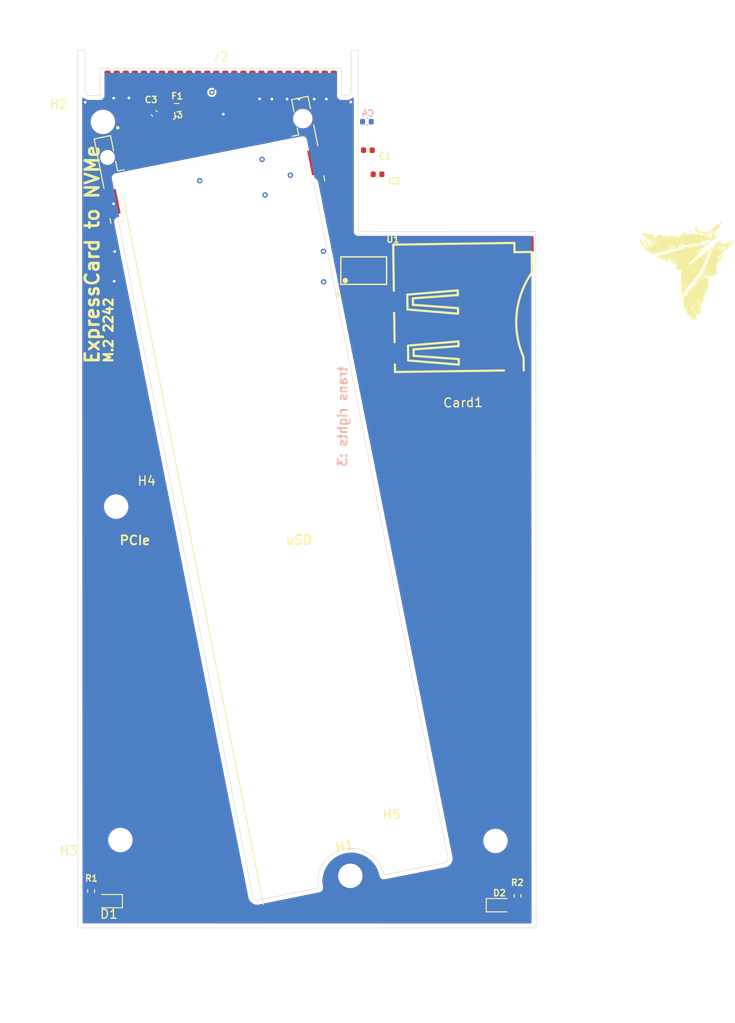
<source format=kicad_pcb>
(kicad_pcb (version 20241229) (generator "pcbnew") (generator_version "9.0")
  (layers (0 "F.Cu" signal) (2 "B.Cu" signal) (13 "F.Paste" user) (15 "B.Paste" user) (5 "F.SilkS" user "F.Silkscreen") (7 "B.SilkS" user "B.Silkscreen") (1 "F.Mask" user) (3 "B.Mask" user) (25 "Edge.Cuts" user))
  (net 0 "")
  (net 1 "PCIe_TX_P")
  (net 2 "PCIe_TX_N")
  (net 3 "GND")
  (net 4 "3V3")
  (net 5 "PCIe_LED")
  (net 6 "USB_N")
  (net 7 "USB_P")
  (net 8 "Net-(D1-A)")
  (net 9 "Net-(D2-A)")
  (net 11 "PCIe_CLK_P")
  (net 12 "CLKREQ")
  (net 13 "1V5")
  (net 14 "PCIe_RX_N")
  (net 17 "PERST")
  (net 19 "PCIe_CLK_N")
  (net 21 "PCIe_RX_P")
  (net 23 "SD_DAT0")
  (net 24 "PCIe_TX_C_P")
  (net 25 "PCIe_TX_C_N")
  (net 26 "SD_CMD")
  (net 27 "SD_3V3")
  (net 28 "SD_DAT3")
  (net 29 "SD_CLK")
  (net 30 "SD_DAT2")
  (net 31 "SD_DAT1")
  (net 32 "SD_LED")
  (net 35 "3V3_F")
  (footprint "Capacitor_SMD:C_0402_1005Metric" (layer "F.Cu") (at 68.65 56.225 -45)
    (property "Reference" "C3")
    (property "Value" "0.1uF")
  )
  (footprint "MountingHole:MountingHole_2.2mm_M2" (layer "F.Cu") (at 106.36 136.65)
    (property "Reference" "H5")
    (property "Value" "MOUNTING SCREW")
  )
  (footprint "MDT180M03001_2:AMPHENOL_MDT180M03001" (layer "F.Cu") (at 74.276641 58.954395 11.25)
    (property "Reference" "J3")
    (property "Value" "MDT180M03001")
    (fp_line (start -10.5 2.389999) (end -10.5 7.2) (stroke (width 0.01)) (layer "Edge.Cuts"))
    (fp_line (start 10.5 2.39) (end -10.5 2.389999) (stroke (width 0.01)) (layer "Edge.Cuts"))
    (fp_line (start 10.5 7.2) (end 10.5 2.39) (stroke (width 0.01)) (layer "Edge.Cuts"))
  )
  (footprint "SOFNG-TF-001B:TF-SMD_TF-001B" (layer "F.Cu") (at 102.624462 77.483813 -179.2)
    (property "Reference" "Card1")
    (property "Value" "TF-001B")
  )
  (footprint "GL823K-HCY04:SSOP-16_L4.9-W3.9-P0.64-LS6.0-BL" (layer "F.Cu") (at 91.8 73.609999)
    (property "Reference" "U1")
    (property "Value" "GL823K-HCY04")
  )
  (footprint "MountingHole:MountingHole_2.2mm_M2" (layer "F.Cu") (at 62.975 57.175)
    (property "Reference" "H2")
    (property "Value" "MOUNTING SCREW")
  )
  (footprint "Fuse:Fuse_0805_2012Metric" (layer "F.Cu") (at 71.1375 55.85)
    (property "Reference" "F1")
    (property "Value" "Fuse_Small")
  )
  (footprint "thinkmoth:ExpressCard_Plug" (layer "F.Cu") (at 76 52.5)
    (property "Reference" "J2")
    (property "Value" "ExpressCard")
    (fp_line (start -13.35 -1.25) (end 13.35 -1.25) (stroke (width 0.05)) (layer "Edge.Cuts"))
    (fp_line (start -13.35 1.75) (end -13.35 -1.25) (stroke (width 0.05)) (layer "Edge.Cuts"))
    (fp_line (start 13.35 -1.25) (end 13.35 1.75) (stroke (width 0.05)) (layer "Edge.Cuts"))
  )
  (footprint "LED_SMD:LED_0603_1608Metric" (layer "F.Cu") (at 106.825 143.755002)
    (property "Reference" "D2")
    (property "Value" "LED")
  )
  (footprint "Resistor_SMD:R_0402_1005Metric" (layer "F.Cu") (at 108.8 142.720001 90)
    (property "Reference" "R2")
    (property "Value" "680r")
  )
  (footprint "Capacitor_SMD:C_0402_1005Metric" (layer "F.Cu") (at 92.26 60.3 180)
    (property "Reference" "C1")
    (property "Value" "0.1uF")
  )
  (footprint "MountingHole:MountingHole_2.2mm_M2" (layer "F.Cu") (at 64.44 99.7)
    (property "Reference" "H4")
    (property "Value" "MOUNTING SCREW")
  )
  (footprint "LED_SMD:LED_0603_1608Metric" (layer "F.Cu") (at 63.64 143.305808 180)
    (property "Reference" "D1")
    (property "Value" "LED")
  )
  (footprint "Resistor_SMD:R_0402_1005Metric" (layer "F.Cu") (at 61.6775 142.195807 90)
    (property "Reference" "R1")
    (property "Value" "680r")
  )
  (footprint "Capacitor_SMD:C_0402_1005Metric" (layer "F.Cu") (at 93.33 62.96 180)
    (property "Reference" "C2")
    (property "Value" "0.1uF")
  )
  (footprint "MountingHole:MountingHole_2.2mm_M2" (layer "F.Cu") (at 64.91 136.55)
    (property "Reference" "H3")
    (property "Value" "MOUNTING SCREW")
  )
  (footprint "MountingHole:MountingHole_2.7mm_M2.5_DIN965_Pad" (layer "F.Cu") (at 90.32094 140.510166 11.25)
    (property "Reference" "H1")
    (property "Value" "M.2 SCREW")
  )
  (footprint "Capacitor_SMD:C_0402_1005Metric" (layer "B.Cu") (at 92.15 57.15 180)
    (property "Reference" "C4")
    (property "Value" "0.1uF" (hide yes))
  )
  (gr_poly (pts (xy 128.497838 74.856829) (xy 128.497161 74.855703) (xy 128.49657 74.854642) (xy 128.496064 74.853636) (xy 128.495646 74.852692) (xy 128.495314 74.851805) (xy 128.495072 74.850977) (xy 128.494914 74.850204) (xy 128.494847 74.849491) (xy 128.494869 74.848828) (xy 128.494982 74.848226) (xy 128.495184 74.847674) (xy 128.495476 74.847178) (xy 128.495861 74.846737) (xy 128.496334 74.846345) (xy 128.496903 74.846007) (xy 128.497564 74.84572) (xy 128.498317 74.845483) (xy 128.499162 74.845295) (xy 128.500105 74.845156) (xy 128.501139 74.845069) (xy 128.502271 74.845026) (xy 128.503498 74.845035) (xy 128.504819 74.845085) (xy 128.506238 74.845184) (xy 128.507754 74.845328) (xy 128.51108 74.845751) (xy 128.513711 74.845822) (xy 128.516308 74.845752) (xy 128.518858 74.845543) (xy 128.521346 74.845202) (xy 128.523761 74.844733) (xy 128.526084 74.844139) (xy 128.5283 74.843426) (xy 128.530402 74.842599) (xy 128.532368 74.841663) (xy 128.534188 74.840621) (xy 128.535037 74.840061) (xy 128.535843 74.839478) (xy 128.536609 74.83887) (xy 128.537327 74.83824) (xy 128.537996 74.837586) (xy 128.538615 74.836908) (xy 128.539185 74.836209) (xy 128.539703 74.835492) (xy 128.540164 74.83475) (xy 128.540571 74.83399) (xy 128.540916 74.833211) (xy 128.541203 74.832414) (xy 128.541689 74.830937) (xy 128.542119 74.829734) (xy 128.542493 74.828806) (xy 128.542814 74.828153) (xy 128.542953 74.827933) (xy 128.543078 74.82778) (xy 128.543191 74.827693) (xy 128.543288 74.827679) (xy 128.543375 74.827729) (xy 128.543445 74.827852) (xy 128.543504 74.828042) (xy 128.543546 74.828299) (xy 128.543593 74.829024) (xy 128.543586 74.830027) (xy 128.543521 74.831301) (xy 128.543405 74.832852) (xy 128.543006 74.836776) (xy 128.542388 74.841805) (xy 128.542193 74.844278) (xy 128.542178 74.846838) (xy 128.542342 74.849456) (xy 128.542672 74.852114) (xy 128.54316 74.854787) (xy 128.543799 74.857446) (xy 128.54458 74.860074) (xy 128.545492 74.862641) (xy 128.546525 74.865127) (xy 128.547677 74.867506) (xy 128.548933 74.869754) (xy 128.550288 74.871847) (xy 128.551733 74.87376) (xy 128.553258 74.875471) (xy 128.554854 74.876953) (xy 128.555677 74.877603) (xy 128.556514 74.878188) (xy 128.55741 74.878849) (xy 128.558264 74.879524) (xy 128.559071 74.880205) (xy 128.559835 74.880888) (xy 128.560553 74.88158) (xy 128.561226 74.882273) (xy 128.561852 74.882972) (xy 128.562434 74.883673) (xy 128.562968 74.884373) (xy 128.563456 74.885076) (xy 128.563897 74.885779) (xy 128.564289 74.886476) (xy 128.564637 74.887173) (xy 128.564933 74.887865) (xy 128.565183 74.888552) (xy 128.565379 74.889233) (xy 128.565531 74.889909) (xy 128.565632 74.890577) (xy 128.565683 74.891236) (xy 128.565682 74.891884) (xy 128.565632 74.892522) (xy 128.56553 74.893147) (xy 128.565379 74.89376) (xy 128.565172 74.894359) (xy 128.564915 74.894945) (xy 128.564605 74.895511) (xy 128.564244 74.896064) (xy 128.563825 74.896597) (xy 128.563359 74.897113) (xy 128.562833 74.897606) (xy 128.562257 74.898082) (xy 128.561623 74.898533) (xy 128.560947 74.898957) (xy 128.560237 74.899343) (xy 128.559498 74.899691) (xy 128.558729 74.900005) (xy 128.557934 74.900283) (xy 128.557115 74.900527) (xy 128.556275 74.900735) (xy 128.555413 74.900906) (xy 128.553634 74.901146) (xy 128.551802 74.901246) (xy 128.549926 74.901213) (xy 128.548026 74.901042) (xy 128.546115 74.900741) (xy 128.544212 74.900307) (xy 128.542332 74.899741) (xy 128.54049 74.89905) (xy 128.538703 74.898233) (xy 128.536987 74.897291) (xy 128.536162 74.896773) (xy 128.535357 74.896225) (xy 128.534581 74.895647) (xy 128.533834 74.89504) (xy 128.532219 74.894054) (xy 128.530479 74.892864) (xy 128.528624 74.891484) (xy 128.52668 74.889929) (xy 128.522576 74.886364) (xy 128.518311 74.882287) (xy 128.514027 74.877828) (xy 128.509867 74.873105) (xy 128.507881 74.870687) (xy 128.505975 74.868247) (xy 128.50417 74.865803) (xy 128.502489 74.863371) (xy 128.500377 74.860565) (xy 128.4986 74.858011)) (fill yes) (layer "F.SilkS"))
  (gr_poly (pts (xy 129.281564 74.1015) (xy 129.281457 74.101255) (xy 129.281379 74.10099) (xy 129.281328 74.100711) (xy 129.281305 74.100105) (xy 129.281389 74.099442) (xy 129.281578 74.09873) (xy 129.281872 74.097972) (xy 129.282269 74.097176) (xy 129.28277 74.096345) (xy 129.283369 74.09549) (xy 129.284068 74.094609) (xy 129.284865 74.093714) (xy 129.285761 74.09281) (xy 129.286752 74.0919) (xy 129.287841 74.09099) (xy 129.28902 74.090087) (xy 129.290294 74.089196) (xy 129.290855 74.088847) (xy 129.291437 74.088529) (xy 129.292039 74.088248) (xy 129.29266 74.088) (xy 129.293298 74.087786) (xy 129.293948 74.087606) (xy 129.294613 74.087459) (xy 129.295289 74.087345) (xy 129.295974 74.087265) (xy 129.296668 74.087217) (xy 129.297368 74.087202) (xy 129.298073 74.087222) (xy 129.298781 74.087272) (xy 129.299491 74.087355) (xy 129.3002 74.087472) (xy 129.300907 74.08762) (xy 129.301615 74.0878) (xy 129.302314 74.088012) (xy 129.303005 74.088257) (xy 129.30369 74.088532) (xy 129.304365 74.088841) (xy 129.305028 74.089179) (xy 129.305676 74.08955) (xy 129.306311 74.08995) (xy 129.306929 74.090383) (xy 129.307529 74.090846) (xy 129.308108 74.091338) (xy 129.308667 74.091864) (xy 129.309199 74.092418) (xy 129.309712 74.093001) (xy 129.310195 74.093618) (xy 129.310651 74.094263) (xy 129.310997 74.094814) (xy 129.311292 74.095366) (xy 129.311538 74.095919) (xy 129.311744 74.096468) (xy 129.311903 74.097018) (xy 129.312017 74.097564) (xy 129.312089 74.098105) (xy 129.312117 74.09864) (xy 129.312103 74.099168) (xy 129.31205 74.099689) (xy 129.311954 74.100201) (xy 129.311819 74.100701) (xy 129.311648 74.101191) (xy 129.311436 74.101667) (xy 129.311189 74.102132) (xy 129.310905 74.102578) (xy 129.310586 74.103012) (xy 129.31023 74.103426) (xy 129.309841 74.103824) (xy 129.309421 74.1042) (xy 129.308964 74.104558) (xy 129.30848 74.104893) (xy 129.307963 74.105205) (xy 129.307417 74.105494) (xy 129.30684 74.105757) (xy 129.306235 74.105993) (xy 129.305603 74.106203) (xy 129.304944 74.106384) (xy 129.304259 74.106534) (xy 129.303549 74.106654) (xy 129.302813 74.106742) (xy 129.302053 74.106795) (xy 129.300303 74.106972) (xy 129.298579 74.107061) (xy 129.296889 74.10707) (xy 129.295242 74.106998) (xy 129.293645 74.106856) (xy 129.292106 74.106641) (xy 129.290634 74.106363) (xy 129.289235 74.106027) (xy 129.287919 74.105634) (xy 129.286694 74.105192) (xy 129.28557 74.104702) (xy 129.284551 74.104172) (xy 129.284082 74.103893) (xy 129.283645 74.103605) (xy 129.283238 74.10331) (xy 129.282863 74.103006) (xy 129.28252 74.102694) (xy 129.28221 74.102379) (xy 129.281935 74.102056) (xy 129.281697 74.101729)) (fill yes) (layer "F.SilkS"))
  (gr_poly (pts (xy 128.010479 77.81244) (xy 128.009723 77.811217) (xy 128.008995 77.809987) (xy 128.008304 77.80875) (xy 128.007643 77.807512) (xy 128.007023 77.806276) (xy 128.006438 77.805041) (xy 128.005888 77.803811) (xy 128.005376 77.802588) (xy 128.004901 77.801375) (xy 128.004467 77.800176) (xy 128.004069 77.798991) (xy 128.003712 77.797821) (xy 128.003397 77.796673) (xy 128.00312 77.795543) (xy 128.002887 77.794438) (xy 128.002695 77.793361) (xy 128.002548 77.792311) (xy 128.002445 77.791296) (xy 128.002384 77.79031) (xy 128.00237 77.789362) (xy 128.002401 77.788452) (xy 128.002479 77.78758) (xy 128.002603 77.786753) (xy 128.002775 77.785972) (xy 128.002996 77.785237) (xy 128.003266 77.784551) (xy 128.003584 77.783919) (xy 128.003954 77.783342) (xy 128.004373 77.78282) (xy 128.004845 77.782361) (xy 128.005368 77.781962) (xy 128.007338 77.780734) (xy 128.009282 77.779695) (xy 128.011199 77.778839) (xy 128.013081 77.778162) (xy 128.014927 77.777657) (xy 128.016733 77.777321) (xy 128.018493 77.777152) (xy 128.020204 77.777139) (xy 128.021862 77.777283) (xy 128.023464 77.777577) (xy 128.025005 77.778015) (xy 128.026479 77.778595) (xy 128.027884 77.779311) (xy 128.029215 77.780158) (xy 128.030469 77.781133) (xy 128.03164 77.782226) (xy 128.032727 77.78344) (xy 128.033722 77.784764) (xy 128.034623 77.786196) (xy 128.035428 77.787731) (xy 128.036129 77.789366) (xy 128.036722 77.791092) (xy 128.037209 77.792907) (xy 128.03758 77.794807) (xy 128.037831 77.796787) (xy 128.03796 77.798837) (xy 128.037963 77.80096) (xy 128.037833 77.803149) (xy 128.037569 77.805396) (xy 128.037166 77.807701) (xy 128.036622 77.810055) (xy 128.035928 77.812457) (xy 128.034585 77.816315) (xy 128.033319 77.819669) (xy 128.03211 77.822519) (xy 128.030933 77.824862) (xy 128.03035 77.825848) (xy 128.029767 77.826703) (xy 128.029181 77.827436) (xy 128.02859 77.828037) (xy 128.02799 77.828519) (xy 128.027379 77.828871) (xy 128.026754 77.829099) (xy 128.026112 77.829198) (xy 128.025451 77.829173) (xy 128.024768 77.829022) (xy 128.024058 77.828744) (xy 128.023321 77.828339) (xy 128.022553 77.827809) (xy 128.021749 77.827152) (xy 128.020912 77.82637) (xy 128.020036 77.825462) (xy 128.018153 77.823266) (xy 128.016079 77.820569) (xy 128.013795 77.817364) (xy 128.011274 77.813657)) (fill yes) (layer "F.SilkS"))
  (gr_poly (pts (xy 123.071259 70.316519) (xy 123.069793 70.314178) (xy 123.06842 70.311889) (xy 123.067135 70.309653) (xy 123.065939 70.307473) (xy 123.064832 70.305345) (xy 123.063815 70.303272) (xy 123.062884 70.301259) (xy 123.062042 70.299301) (xy 123.061288 70.297404) (xy 123.060621 70.295565) (xy 123.060039 70.293786) (xy 123.059544 70.292067) (xy 123.059136 70.290411) (xy 123.058813 70.288818) (xy 123.058577 70.287287) (xy 123.058425 70.285822) (xy 123.058358 70.284422) (xy 123.058373 70.283087) (xy 123.058472 70.281819) (xy 123.058659 70.280619) (xy 123.058926 70.27949) (xy 123.059276 70.278428) (xy 123.05971 70.277437) (xy 123.060224 70.27652) (xy 123.060821 70.275672) (xy 123.061498 70.274896) (xy 123.062256 70.274196) (xy 123.063097 70.273571) (xy 123.06386 70.273018) (xy 123.064607 70.272384) (xy 123.065341 70.271678) (xy 123.066056 70.270898) (xy 123.067436 70.269128) (xy 123.06874 70.267094) (xy 123.06996 70.264822) (xy 123.071092 70.26232) (xy 123.072127 70.259618) (xy 123.073058 70.256732) (xy 123.073881 70.253679) (xy 123.074583 70.250482) (xy 123.075164 70.247157) (xy 123.075612 70.243728) (xy 123.075926 70.240211) (xy 123.076093 70.236626) (xy 123.076109 70.232992) (xy 123.075966 70.229333) (xy 123.075954 70.224246) (xy 123.076086 70.219687) (xy 123.076213 70.2176) (xy 123.076383 70.21563) (xy 123.076597 70.213786) (xy 123.076858 70.212057) (xy 123.077167 70.210442) (xy 123.077527 70.208937) (xy 123.077941 70.207541) (xy 123.078412 70.206249) (xy 123.078937 70.205062) (xy 123.079523 70.20397) (xy 123.080165 70.202978) (xy 123.080878 70.202078) (xy 123.081653 70.201267) (xy 123.082496 70.200548) (xy 123.083409 70.199911) (xy 123.084392 70.199356) (xy 123.08545 70.19888) (xy 123.086582 70.19848) (xy 123.087796 70.198151) (xy 123.089087 70.197893) (xy 123.09046 70.197702) (xy 123.091917 70.197575) (xy 123.093459 70.197509) (xy 123.095094 70.197501) (xy 123.096815 70.197551) (xy 123.098631 70.19765) (xy 123.102544 70.197996) (xy 123.106614 70.198344) (xy 123.110162 70.198839) (xy 123.113194 70.19951) (xy 123.114516 70.199922) (xy 123.115708 70.20039) (xy 123.116774 70.200922) (xy 123.11771 70.201517) (xy 123.118517 70.20218) (xy 123.1192 70.202916) (xy 123.119754 70.203732) (xy 123.120181 70.204629) (xy 123.120482 70.205612) (xy 123.120656 70.206684) (xy 123.120703 70.20785) (xy 123.120627 70.209114) (xy 123.120425 70.210483) (xy 123.120096 70.211956) (xy 123.119642 70.213543) (xy 123.119066 70.215244) (xy 123.117537 70.219002) (xy 123.115515 70.223274) (xy 123.113001 70.228088) (xy 123.109998 70.233479) (xy 123.106504 70.239475) (xy 123.103989 70.244195) (xy 123.101724 70.249087) (xy 123.099704 70.254132) (xy 123.097932 70.259312) (xy 123.096404 70.264604) (xy 123.095122 70.269992) (xy 123.094083 70.275456) (xy 123.093291 70.280977) (xy 123.092735 70.286532) (xy 123.092428 70.292105) (xy 123.092361 70.297674) (xy 123.092535 70.303223) (xy 123.092952 70.308731) (xy 123.093604 70.314176) (xy 123.0945 70.319542) (xy 123.095634 70.324806) (xy 123.108988 70.370191) (xy 123.078024 70.326392) (xy 123.076196 70.323849) (xy 123.07446 70.321355) (xy 123.072814 70.318912)) (fill yes) (layer "F.SilkS"))
  (gr_poly (pts (xy 129.959866 70.316177) (xy 129.959473 70.315502) (xy 129.959116 70.314818) (xy 129.958786 70.314122) (xy 129.95849 70.313423) (xy 129.958227 70.312717) (xy 129.957999 70.312007) (xy 129.957802 70.311294) (xy 129.95764 70.310576) (xy 129.957509 70.309859) (xy 129.957413 70.309143) (xy 129.957352 70.308426) (xy 129.957324 70.307714) (xy 129.957328 70.307002) (xy 129.957371 70.306296) (xy 129.957441 70.305595) (xy 129.95755 70.3049) (xy 129.957692 70.304215) (xy 129.957871 70.303538) (xy 129.958081 70.302872) (xy 129.95833 70.302217) (xy 129.958611 70.301576) (xy 129.95893 70.300947) (xy 129.959283 70.300332) (xy 129.959672 70.299735) (xy 129.960097 70.299156) (xy 129.960557 70.298592) (xy 129.961055 70.298051) (xy 129.961585 70.297528) (xy 129.962154 70.297028) (xy 129.962759 70.296552) (xy 129.963402 70.296098) (xy 129.963954 70.295735) (xy 129.964518 70.29539) (xy 129.965086 70.295057) (xy 129.965658 70.294741) (xy 129.966237 70.294437) (xy 129.966817 70.29415) (xy 129.967398 70.293879) (xy 129.967978 70.293624) (xy 129.969135 70.293157) (xy 129.970271 70.292762) (xy 129.970828 70.292588) (xy 129.971378 70.292432) (xy 129.971918 70.292296) (xy 129.972447 70.292173) (xy 129.972962 70.292072) (xy 129.973466 70.291989) (xy 129.973952 70.291925) (xy 129.974423 70.29188) (xy 129.974875 70.291858) (xy 129.975307 70.291851) (xy 129.975719 70.291866) (xy 129.976109 70.291902) (xy 129.976475 70.291957) (xy 129.976819 70.292032) (xy 129.977132 70.292133) (xy 129.97742 70.292253) (xy 129.977679 70.292392) (xy 129.977909 70.292556) (xy 129.978105 70.292742) (xy 129.978269 70.292949) (xy 129.978477 70.293297) (xy 129.978659 70.293682) (xy 129.978819 70.2941) (xy 129.978953 70.294548) (xy 129.979157 70.295534) (xy 129.97927 70.296631) (xy 129.979296 70.297824) (xy 129.979245 70.2991) (xy 129.979115 70.300448) (xy 129.978915 70.301854) (xy 129.978644 70.303306) (xy 129.978308 70.304791) (xy 129.977912 70.306297) (xy 129.977459 70.307812) (xy 129.976954 70.309321) (xy 129.976401 70.310815) (xy 129.9758 70.312276) (xy 129.975162 70.313698) (xy 129.974718 70.314445) (xy 129.974263 70.315152) (xy 129.973805 70.315814) (xy 129.973336 70.316433) (xy 129.972861 70.317009) (xy 129.972382 70.317543) (xy 129.971899 70.318037) (xy 129.971412 70.318482) (xy 129.970918 70.318889) (xy 129.970423 70.319252) (xy 129.969927 70.319573) (xy 129.969429 70.319854) (xy 129.968931 70.320091) (xy 129.968431 70.320288) (xy 129.967934 70.320441) (xy 129.967437 70.320554) (xy 129.966944 70.320625) (xy 129.966453 70.320655) (xy 129.965966 70.320646) (xy 129.965482 70.320596) (xy 129.965005 70.320502) (xy 129.964534 70.320369) (xy 129.964067 70.320197) (xy 129.963608 70.319982) (xy 129.963159 70.31973) (xy 129.962718 70.319436) (xy 129.962284 70.319101) (xy 129.961863 70.318729) (xy 129.961451 70.318317) (xy 129.961052 70.317865) (xy 129.960666 70.317374) (xy 129.960291 70.316843)) (fill yes) (layer "F.SilkS"))
  (gr_poly (pts (xy 131.158834 68.630852) (xy 131.158451 68.630187) (xy 131.158097 68.62952) (xy 131.157782 68.628848) (xy 131.157504 68.628176) (xy 131.157259 68.627503) (xy 131.15705 68.626831) (xy 131.156873 68.626162) (xy 131.156731 68.625493) (xy 131.156623 68.624827) (xy 131.156548 68.624167) (xy 131.156504 68.623513) (xy 131.156493 68.622861) (xy 131.156516 68.622216) (xy 131.156569 68.621579) (xy 131.156654 68.620951) (xy 131.156769 68.620331) (xy 131.156916 68.619722) (xy 131.157093 68.619125) (xy 131.157297 68.618538) (xy 131.157535 68.617963) (xy 131.1578 68.617403) (xy 131.158094 68.616856) (xy 131.158416 68.616328) (xy 131.158766 68.615811) (xy 131.159147 68.615313) (xy 131.15955 68.614832) (xy 131.159985 68.614372) (xy 131.160442 68.613929) (xy 131.160929 68.613507) (xy 131.161439 68.613107) (xy 131.161977 68.612727) (xy 131.16265 68.612298) (xy 131.163346 68.61189) (xy 131.164065 68.611507) (xy 131.164805 68.61115) (xy 131.165565 68.610814) (xy 131.166342 68.610503) (xy 131.167137 68.610218) (xy 131.16795 68.609958) (xy 131.169612 68.609511) (xy 131.171323 68.609169) (xy 131.173068 68.60893) (xy 131.17484 68.6088) (xy 131.176624 68.608779) (xy 131.177519 68.608813) (xy 131.178411 68.608873) (xy 131.179303 68.608962) (xy 131.180191 68.60908) (xy 131.181075 68.609227) (xy 131.181953 68.609404) (xy 131.182821 68.60961) (xy 131.183684 68.609848) (xy 131.184533 68.610113) (xy 131.185374 68.610411) (xy 131.1862 68.610741) (xy 131.187015 68.611102) (xy 131.187809 68.611491) (xy 131.188589 68.611916) (xy 131.189264 68.612261) (xy 131.189891 68.612636) (xy 131.190465 68.613043) (xy 131.190993 68.613476) (xy 131.191475 68.613935) (xy 131.191909 68.614418) (xy 131.192289 68.614925) (xy 131.192625 68.615453) (xy 131.192909 68.616) (xy 131.193148 68.616567) (xy 131.193335 68.617153) (xy 131.193475 68.617753) (xy 131.193563 68.618367) (xy 131.193605 68.618993) (xy 131.193596 68.619631) (xy 131.19354 68.620279) (xy 131.193435 68.620931) (xy 131.193277 68.621595) (xy 131.193071 68.622259) (xy 131.192816 68.622931) (xy 131.192512 68.623601) (xy 131.192158 68.624277) (xy 131.191755 68.624947) (xy 131.191303 68.625617) (xy 131.190796 68.626284) (xy 131.190244 68.626943) (xy 131.189639 68.627598) (xy 131.188987 68.628241) (xy 131.188283 68.628874) (xy 131.18753 68.6295) (xy 131.186722 68.63011) (xy 131.185872 68.630705) (xy 131.184877 68.631343) (xy 131.183873 68.631942) (xy 131.182867 68.632494) (xy 131.181856 68.633007) (xy 131.180841 68.633476) (xy 131.179828 68.633902) (xy 131.178817 68.634289) (xy 131.177808 68.634633) (xy 131.176804 68.634936) (xy 131.175808 68.635201) (xy 131.17482 68.635424) (xy 131.173842 68.635609) (xy 131.172877 68.635755) (xy 131.171928 68.63586) (xy 131.17099 68.635927) (xy 131.170076 68.635956) (xy 131.169176 68.635948) (xy 131.168298 68.635901) (xy 131.167445 68.635818) (xy 131.166614 68.635698) (xy 131.165814 68.63554) (xy 131.16504 68.635347) (xy 131.164297 68.635121) (xy 131.163584 68.634855) (xy 131.162905 68.634558) (xy 131.162263 68.634226) (xy 131.161657 68.633857) (xy 131.161092 68.633455) (xy 131.160569 68.63302) (xy 131.160086 68.632552) (xy 131.159648 68.63205) (xy 131.159257 68.631517)) (fill yes) (layer "F.SilkS"))
  (gr_poly (pts (xy 132.460158 70.822611) (xy 132.459876 70.822032) (xy 132.459625 70.821421) (xy 132.459412 70.82078) (xy 132.459236 70.820109) (xy 132.459099 70.81941) (xy 132.459002 70.818683) (xy 132.458943 70.817926) (xy 132.458908 70.817004) (xy 132.459024 70.816002) (xy 132.459687 70.813775) (xy 132.460904 70.811268) (xy 132.462646 70.808504) (xy 132.464879 70.80551) (xy 132.467574 70.802313) (xy 132.470703 70.798936) (xy 132.474231 70.795404) (xy 132.478133 70.791747) (xy 132.482377 70.787982) (xy 132.491761 70.780245) (xy 132.502147 70.772399) (xy 132.513289 70.764643) (xy 132.520181 70.760373) (xy 132.526498 70.756543) (xy 132.53224 70.753146) (xy 132.537417 70.75019) (xy 132.539792 70.748879) (xy 132.542033 70.747678) (xy 132.544134 70.74659) (xy 132.546097 70.745614) (xy 132.547926 70.744749) (xy 132.549616 70.743997) (xy 132.551174 70.743358) (xy 132.552598 70.74283) (xy 132.553889 70.742419) (xy 132.555048 70.742118) (xy 132.556076 70.741935) (xy 132.556973 70.741866) (xy 132.557371 70.741877) (xy 132.557741 70.741912) (xy 132.558076 70.74198) (xy 132.55838 70.742073) (xy 132.558652 70.742199) (xy 132.558891 70.742351) (xy 132.5591 70.742533) (xy 132.559274 70.742744) (xy 132.55942 70.742985) (xy 132.559535 70.743254) (xy 132.559617 70.743552) (xy 132.559667 70.743882) (xy 132.559687 70.744239) (xy 132.559677 70.744625) (xy 132.559562 70.745486) (xy 132.559326 70.746466) (xy 132.558969 70.747563) (xy 132.558489 70.748781) (xy 132.55789 70.750112) (xy 132.555593 70.75443) (xy 132.552699 70.758983) (xy 132.549244 70.763734) (xy 132.545287 70.768639) (xy 132.54087 70.773664) (xy 132.536042 70.778764) (xy 132.530852 70.783903) (xy 132.52535 70.789041) (xy 132.519577 70.794138) (xy 132.513591 70.799156) (xy 132.507432 70.804052) (xy 132.501152 70.808789) (xy 132.494798 70.813326) (xy 132.48842 70.817623) (xy 132.482064 70.821643) (xy 132.47578 70.825345) (xy 132.47494 70.825728) (xy 132.474113 70.826063) (xy 132.473295 70.826355) (xy 132.472487 70.826602) (xy 132.471697 70.826804) (xy 132.470918 70.826966) (xy 132.470156 70.827082) (xy 132.469407 70.827161) (xy 132.468679 70.827196) (xy 132.467969 70.827189) (xy 132.467276 70.827146) (xy 132.466603 70.827061) (xy 132.465953 70.826936) (xy 132.465323 70.826773) (xy 132.46472 70.826573) (xy 132.464137 70.826335) (xy 132.463581 70.826061) (xy 132.463051 70.82575) (xy 132.462549 70.825403) (xy 132.462073 70.825022) (xy 132.46163 70.824607) (xy 132.461215 70.824158) (xy 132.460828 70.823675) (xy 132.460477 70.82316)) (fill yes) (layer "F.SilkS"))
  (gr_poly (pts (xy 123.450027 70.65676) (xy 123.449477 70.65568) (xy 123.44902 70.654587) (xy 123.448663 70.653483) (xy 123.448407 70.652376) (xy 123.448252 70.651268) (xy 123.448204 70.650166) (xy 123.448264 70.64907) (xy 123.448434 70.647987) (xy 123.448717 70.646919) (xy 123.449115 70.645874) (xy 123.44963 70.644853) (xy 123.450267 70.64386) (xy 123.451025 70.642902) (xy 123.451912 70.641982) (xy 123.452926 70.641105) (xy 123.45407 70.64027) (xy 123.454639 70.639924) (xy 123.455246 70.639622) (xy 123.455889 70.63936) (xy 123.456565 70.63914) (xy 123.457275 70.638959) (xy 123.458017 70.638817) (xy 123.459589 70.638649) (xy 123.46127 70.638628) (xy 123.463045 70.638748) (xy 123.464906 70.638998) (xy 123.466836 70.639375) (xy 123.468829 70.639872) (xy 123.470868 70.640481) (xy 123.472941 70.641196) (xy 123.47504 70.642007) (xy 123.477149 70.642912) (xy 123.47926 70.643904) (xy 123.481356 70.64497) (xy 123.483429 70.646109) (xy 123.485007 70.647389) (xy 123.486437 70.648669) (xy 123.487723 70.649943) (xy 123.488864 70.651205) (xy 123.489865 70.652453) (xy 123.490723 70.653684) (xy 123.491446 70.654898) (xy 123.49203 70.656085) (xy 123.492481 70.657248) (xy 123.492798 70.658381) (xy 123.492984 70.659478) (xy 123.493041 70.660539) (xy 123.492968 70.661561) (xy 123.492773 70.662535) (xy 123.492452 70.66347) (xy 123.492009 70.664348) (xy 123.491443 70.665174) (xy 123.490763 70.665943) (xy 123.489965 70.66665) (xy 123.48905 70.667297) (xy 123.488022 70.667873) (xy 123.486884 70.668381) (xy 123.485637 70.668813) (xy 123.484279 70.66917) (xy 123.482815 70.669443) (xy 123.481247 70.669633) (xy 123.47958 70.669739) (xy 123.477808 70.669748) (xy 123.475939 70.669669) (xy 123.473974 70.669489) (xy 123.471912 70.669207) (xy 123.469756 70.668822) (xy 123.46802 70.668525) (xy 123.46634 70.668148) (xy 123.464718 70.667694) (xy 123.463156 70.667167) (xy 123.461659 70.666574) (xy 123.460225 70.665916) (xy 123.458858 70.665198) (xy 123.457562 70.664426) (xy 123.456339 70.663604) (xy 123.455191 70.662732) (xy 123.454122 70.661818) (xy 123.453133 70.660868) (xy 123.452226 70.659882) (xy 123.451404 70.658866) (xy 123.45067 70.657823)) (fill yes) (layer "F.SilkS"))
  (gr_poly (pts (xy 129.726827 70.524239) (xy 129.726145 70.522969) (xy 129.724886 70.520104) (xy 129.723772 70.516801) (xy 129.722812 70.513072) (xy 129.722006 70.508917) (xy 129.721357 70.504349) (xy 129.720878 70.499371) (xy 129.720566 70.493994) (xy 129.720579 70.492593) (xy 129.720623 70.491252) (xy 129.720696 70.48997) (xy 129.720801 70.48875) (xy 129.720935 70.487587) (xy 129.721099 70.48649) (xy 129.721296 70.485449) (xy 129.721522 70.484471) (xy 129.721778 70.483556) (xy 129.722068 70.482701) (xy 129.722388 70.481907) (xy 129.722739 70.481175) (xy 129.723123 70.480507) (xy 129.723539 70.4799) (xy 129.723983 70.479355) (xy 129.724462 70.478873) (xy 129.724973 70.478453) (xy 129.725518 70.478102) (xy 129.726092 70.477808) (xy 129.7267 70.47758) (xy 129.727343 70.477416) (xy 129.728017 70.477315) (xy 129.728724 70.47728) (xy 129.729465 70.477308) (xy 129.730237 70.477401) (xy 129.731044 70.477562) (xy 129.731884 70.477784) (xy 129.732758 70.478075) (xy 129.733668 70.478429) (xy 129.734609 70.478849) (xy 129.735588 70.479336) (xy 129.736597 70.479889) (xy 129.738386 70.480784) (xy 129.740077 70.481788) (xy 129.741678 70.482891) (xy 129.74318 70.484085) (xy 129.744585 70.485365) (xy 129.745892 70.486724) (xy 129.747102 70.488157) (xy 129.748213 70.489656) (xy 129.749224 70.491211) (xy 129.750136 70.492823) (xy 129.750944 70.494477) (xy 129.751651 70.49617) (xy 129.752256 70.497898) (xy 129.75276 70.49965) (xy 129.753156 70.501423) (xy 129.753451 70.503206) (xy 129.753638 70.504995) (xy 129.753717 70.506786) (xy 129.753695 70.508569) (xy 129.753558 70.510336) (xy 129.753319 70.512083) (xy 129.752968 70.513802) (xy 129.752507 70.515488) (xy 129.751937 70.517132) (xy 129.751252 70.51873) (xy 129.75046 70.520271) (xy 129.749553 70.521754) (xy 129.74853 70.523169) (xy 129.747397 70.52451) (xy 129.746148 70.525768) (xy 129.744782 70.526941) (xy 129.743301 70.528019) (xy 129.742104 70.528764) (xy 129.740933 70.529384) (xy 129.739786 70.529882) (xy 129.738668 70.530254) (xy 129.737576 70.530503) (xy 129.736512 70.530631) (xy 129.735479 70.530638) (xy 129.734474 70.530526) (xy 129.733499 70.530291) (xy 129.732551 70.52994) (xy 129.731638 70.529472) (xy 129.730753 70.528886) (xy 129.729903 70.528184) (xy 129.729082 70.527369) (xy 129.728298 70.526438) (xy 129.727546 70.525393)) (fill yes) (layer "F.SilkS"))
  (gr_poly (pts (xy 125.981516 72.870907) (xy 125.98116 72.87022) (xy 125.980857 72.869519) (xy 125.980613 72.868802) (xy 125.980423 72.868069) (xy 125.980284 72.867328) (xy 125.980199 72.866572) (xy 125.980166 72.865806) (xy 125.980183 72.86503) (xy 125.980252 72.864248) (xy 125.980368 72.863458) (xy 125.980534 72.862662) (xy 125.981009 72.861058) (xy 125.98167 72.859445) (xy 125.982509 72.85783) (xy 125.98352 72.856225) (xy 125.984698 72.854638) (xy 125.986035 72.85308) (xy 125.987527 72.851558) (xy 125.989165 72.850079) (xy 125.990945 72.848658) (xy 125.99286 72.847301) (xy 125.993736 72.846735) (xy 125.994602 72.846217) (xy 125.995455 72.845743) (xy 125.996297 72.845315) (xy 125.997125 72.844931) (xy 125.99794 72.844598) (xy 125.998741 72.844308) (xy 125.999529 72.844062) (xy 126.000297 72.843867) (xy 126.001047 72.843714) (xy 126.00178 72.843607) (xy 126.002493 72.843548) (xy 126.003189 72.843533) (xy 126.00386 72.843563) (xy 126.004508 72.843643) (xy 126.005135 72.843765) (xy 126.005738 72.843934) (xy 126.006316 72.844149) (xy 126.006868 72.844409) (xy 126.007392 72.844718) (xy 126.007889 72.845069) (xy 126.008358 72.845468) (xy 126.008797 72.84591) (xy 126.009206 72.846403) (xy 126.009582 72.846939) (xy 126.009925 72.84752) (xy 126.010238 72.848147) (xy 126.010513 72.848822) (xy 126.010758 72.849543) (xy 126.010963 72.850307) (xy 126.011127 72.851119) (xy 126.011262 72.851976) (xy 126.011281 72.853551) (xy 126.011193 72.855186) (xy 126.011003 72.856867) (xy 126.010711 72.858575) (xy 126.010319 72.860304) (xy 126.009833 72.86203) (xy 126.009251 72.863745) (xy 126.008584 72.865434) (xy 126.007826 72.86708) (xy 126.006985 72.868673) (xy 126.006064 72.870193) (xy 126.00506 72.871631) (xy 126.003984 72.872969) (xy 126.002834 72.874197) (xy 126.001615 72.875297) (xy 126.000978 72.875793) (xy 126.000326 72.876255) (xy 125.999769 72.876601) (xy 125.999196 72.876913) (xy 125.998611 72.877185) (xy 125.99801 72.877419) (xy 125.997404 72.877619) (xy 125.996783 72.87778) (xy 125.996159 72.877908) (xy 125.995528 72.878002) (xy 125.994892 72.878061) (xy 125.994249 72.878088) (xy 125.993606 72.878082) (xy 125.99296 72.878044) (xy 125.992316 72.877975) (xy 125.991672 72.877873) (xy 125.991032 72.877745) (xy 125.990397 72.877586) (xy 125.989767 72.877398) (xy 125.989142 72.877181) (xy 125.98853 72.876937) (xy 125.987923 72.876668) (xy 125.987331 72.876373) (xy 125.986749 72.87605) (xy 125.986182 72.875705) (xy 125.985632 72.875334) (xy 125.985096 72.874939) (xy 125.984577 72.874523) (xy 125.984079 72.874084) (xy 125.983603 72.873624) (xy 125.983145 72.873141) (xy 125.982715 72.87264) (xy 125.982308 72.872118) (xy 125.981927 72.871578)) (fill yes) (layer "F.SilkS"))
  (gr_poly (pts (xy 124.054111 72.015165) (xy 124.053575 72.014181) (xy 124.053145 72.013216) (xy 124.052823 72.012274) (xy 124.052601 72.011352) (xy 124.052489 72.010453) (xy 124.052482 72.00957) (xy 124.052579 72.008708) (xy 124.052784 72.007861) (xy 124.05309 72.007032) (xy 124.053505 72.00622) (xy 124.054025 72.00542) (xy 124.054648 72.004634) (xy 124.05538 72.003863) (xy 124.056218 72.003102) (xy 124.057159 72.002353) (xy 124.058206 72.001611) (xy 124.058777 72.001273) (xy 124.059401 72.00099) (xy 124.060064 72.000761) (xy 124.060773 72.000591) (xy 124.061518 72.000472) (xy 124.062306 72.000404) (xy 124.063991 72.000425) (xy 124.065809 72.000646) (xy 124.06774 72.001058) (xy 124.06978 72.001656) (xy 124.071906 72.00243) (xy 124.074104 72.003372) (xy 124.076364 72.004479) (xy 124.078665 72.005738) (xy 124.080997 72.007147) (xy 124.083342 72.008695) (xy 124.085688 72.010373) (xy 124.088014 72.012179) (xy 124.090312 72.014101) (xy 124.092483 72.016072) (xy 124.094449 72.018017) (xy 124.096211 72.019929) (xy 124.097772 72.021808) (xy 124.099143 72.023643) (xy 124.10032 72.02543) (xy 124.101311 72.027163) (xy 124.102117 72.028833) (xy 124.102745 72.030438) (xy 124.1032 72.03197) (xy 124.103481 72.033423) (xy 124.103596 72.03479) (xy 124.10355 72.036065) (xy 124.103344 72.037243) (xy 124.102983 72.038319) (xy 124.102469 72.039285) (xy 124.101812 72.040134) (xy 124.101011 72.040862) (xy 124.100069 72.041462) (xy 124.098992 72.041928) (xy 124.097788 72.042254) (xy 124.096456 72.042435) (xy 124.095001 72.042463) (xy 124.093423 72.042332) (xy 124.091734 72.042036) (xy 124.089933 72.041572) (xy 124.088025 72.040931) (xy 124.086016 72.040106) (xy 124.083906 72.039093) (xy 124.081702 72.037885) (xy 124.079407 72.036476) (xy 124.077027 72.034858) (xy 124.072686 72.031932) (xy 124.070673 72.030524) (xy 124.068764 72.029153) (xy 124.066962 72.027815) (xy 124.065267 72.026513) (xy 124.063678 72.025243) (xy 124.062193 72.024008) (xy 124.060812 72.022802) (xy 124.059539 72.021626) (xy 124.05837 72.020482) (xy 124.057307 72.019365) (xy 124.056351 72.018277) (xy 124.055498 72.017215) (xy 124.054752 72.016178)) (fill yes) (layer "F.SilkS"))
  (gr_poly (pts (xy 124.56736 71.643491) (xy 124.566954 71.642837) (xy 124.56657 71.64219) (xy 124.566208 71.641553) (xy 124.565868 71.640919) (xy 124.565553 71.640296) (xy 124.565256 71.63968) (xy 124.564983 71.639075) (xy 124.564732 71.638479) (xy 124.564504 71.637897) (xy 124.564296 71.637323) (xy 124.564107 71.636763) (xy 124.563943 71.636216) (xy 124.563799 71.635685) (xy 124.563676 71.635165) (xy 124.563573 71.634662) (xy 124.563491 71.634175) (xy 124.56343 71.633705) (xy 124.563388 71.633252) (xy 124.563368 71.632817) (xy 124.563366 71.6324) (xy 124.563387 71.632006) (xy 124.563426 71.631628) (xy 124.563484 71.631276) (xy 124.563564 71.630941) (xy 124.563658 71.630629) (xy 124.563777 71.630343) (xy 124.563911 71.630079) (xy 124.564068 71.629841) (xy 124.564241 71.629627) (xy 124.564434 71.629439) (xy 124.564643 71.629277) (xy 124.56499 71.629067) (xy 124.565366 71.628875) (xy 124.566208 71.628545) (xy 124.567161 71.628291) (xy 124.568215 71.628114) (xy 124.56936 71.628011) (xy 124.570586 71.627992) (xy 124.571887 71.628053) (xy 124.573254 71.628192) (xy 124.574673 71.628419) (xy 124.576141 71.628724) (xy 124.577644 71.629117) (xy 124.579174 71.629595) (xy 124.580726 71.630157) (xy 124.582281 71.630811) (xy 124.58384 71.631554) (xy 124.585392 71.632389) (xy 124.586069 71.632729) (xy 124.586715 71.63309) (xy 124.587327 71.633474) (xy 124.587902 71.633874) (xy 124.588442 71.634295) (xy 124.588945 71.634729) (xy 124.589413 71.63518) (xy 124.589843 71.635643) (xy 124.59024 71.636119) (xy 124.590598 71.636606) (xy 124.59092 71.6371) (xy 124.591202 71.637605) (xy 124.591446 71.638113) (xy 124.591654 71.638629) (xy 124.591823 71.639147) (xy 124.591953 71.639671) (xy 124.592044 71.640194) (xy 124.592095 71.640717) (xy 124.592108 71.641237) (xy 124.592081 71.641757) (xy 124.592012 71.642269) (xy 124.591903 71.64278) (xy 124.591755 71.643281) (xy 124.591566 71.643774) (xy 124.591334 71.644258) (xy 124.591062 71.644729) (xy 124.590748 71.645191) (xy 124.59039 71.645636) (xy 124.589993 71.646067) (xy 124.589549 71.646484) (xy 124.589063 71.646879) (xy 124.588535 71.647258) (xy 124.587869 71.647678) (xy 124.587187 71.64806) (xy 124.586492 71.648407) (xy 124.585783 71.648714) (xy 124.585067 71.648987) (xy 124.584343 71.649221) (xy 124.583612 71.649418) (xy 124.582876 71.649581) (xy 124.582136 71.649709) (xy 124.581396 71.649802) (xy 124.580653 71.649862) (xy 124.579911 71.649888) (xy 124.579173 71.64988) (xy 124.57844 71.649841) (xy 124.577712 71.64977) (xy 124.576995 71.649666) (xy 124.576283 71.64953) (xy 124.575582 71.649367) (xy 124.574894 71.649175) (xy 124.574221 71.64895) (xy 124.573564 71.648697) (xy 124.572922 71.648415) (xy 124.572298 71.648106) (xy 124.571696 71.64777) (xy 124.571115 71.647405) (xy 124.570558 71.647016) (xy 124.570025 71.646599) (xy 124.569518 71.646159) (xy 124.56904 71.645693) (xy 124.568589 71.6452) (xy 124.568176 71.644686) (xy 124.567791 71.644147)) (fill yes) (layer "F.SilkS"))
  (gr_poly (pts (xy 122.687165 71.033714) (xy 122.68528 71.030043) (xy 122.684936 71.028915) (xy 122.685022 71.028294) (xy 122.685552 71.028206) (xy 122.686552 71.028683) (xy 122.690033 71.031427) (xy 122.695614 71.036738) (xy 122.704172 71.044978) (xy 122.713178 71.053361) (xy 122.732127 71.070232) (xy 122.751631 71.086689) (xy 122.770875 71.102068) (xy 122.789034 71.115708) (xy 122.797448 71.121667) (xy 122.805286 71.126942) (xy 122.812442 71.131446) (xy 122.81881 71.135103) (xy 122.824295 71.137826) (xy 122.828788 71.139531) (xy 122.830186 71.140018) (xy 122.831522 71.14053) (xy 122.832792 71.141062) (xy 122.834002 71.141617) (xy 122.835147 71.142194) (xy 122.836229 71.142794) (xy 122.837247 71.143416) (xy 122.838205 71.144058) (xy 122.839097 71.144724) (xy 122.839928 71.145414) (xy 122.840699 71.146122) (xy 122.841405 71.146852) (xy 122.842052 71.147603) (xy 122.842637 71.148378) (xy 122.843158 71.14917) (xy 122.843624 71.149985) (xy 122.844023 71.150821) (xy 122.844367 71.151676) (xy 122.844644 71.152552) (xy 122.844866 71.153448) (xy 122.845027 71.154366) (xy 122.845129 71.155303) (xy 122.84517 71.156258) (xy 122.845153 71.157234) (xy 122.845077 71.158232) (xy 122.844942 71.159247) (xy 122.844745 71.160281) (xy 122.844494 71.161336) (xy 122.844184 71.162406) (xy 122.843814 71.163497) (xy 122.843389 71.164608) (xy 122.842905 71.165737) (xy 122.84212 71.16751) (xy 122.841582 71.169364) (xy 122.841291 71.171297) (xy 122.841231 71.173292) (xy 122.841391 71.175345) (xy 122.841763 71.177447) (xy 122.842338 71.179587) (xy 122.843106 71.181754) (xy 122.844055 71.183941) (xy 122.845177 71.18614) (xy 122.846463 71.188341) (xy 122.847897 71.190531) (xy 122.851189 71.194858) (xy 122.854975 71.199041) (xy 122.859172 71.203008) (xy 122.863701 71.206684) (xy 122.868485 71.209997) (xy 122.873444 71.212872) (xy 122.875965 71.214125) (xy 122.878498 71.215237) (xy 122.881039 71.216204) (xy 122.88357 71.217016) (xy 122.886087 71.217661) (xy 122.888579 71.218134) (xy 122.891036 71.218423) (xy 122.893446 71.21852) (xy 122.894126 71.218617) (xy 122.894849 71.218832) (xy 122.896398 71.219604) (xy 122.898082 71.220814) (xy 122.899886 71.22244) (xy 122.901786 71.224453) (xy 122.903775 71.226833) (xy 122.905831 71.229556) (xy 122.907943 71.232596) (xy 122.910088 71.235928) (xy 122.912256 71.23953) (xy 122.914431 71.243376) (xy 122.916594 71.247446) (xy 122.918727 71.251713) (xy 122.920818 71.25615) (xy 122.92285 71.260738) (xy 122.924806 71.265452) (xy 122.930642 71.280962) (xy 122.932765 71.287003) (xy 122.934269 71.291879) (xy 122.935093 71.295571) (xy 122.935224 71.296966) (xy 122.935166 71.298057) (xy 122.934906 71.298843) (xy 122.93443 71.299323) (xy 122.933736 71.299491) (xy 122.932815 71.299347) (xy 122.93166 71.298888) (xy 122.930261 71.298111) (xy 122.926699 71.295595) (xy 122.922068 71.29178) (xy 122.916299 71.286649) (xy 122.901093 71.272363) (xy 122.880566 71.252583) (xy 122.852683 71.224863) (xy 122.822632 71.194134) (xy 122.794123 71.164284) (xy 122.770868 71.139199) (xy 122.761364 71.128637) (xy 122.751769 71.117621) (xy 122.732935 71.095093) (xy 122.715614 71.073344) (xy 122.701062 71.054102) (xy 122.695214 71.045959) (xy 122.690532 71.03909)) (fill yes) (layer "F.SilkS"))
  (gr_poly (pts (xy 129.838589 70.36327) (xy 129.838196 70.362595) (xy 129.837838 70.36191) (xy 129.837508 70.361215) (xy 129.837214 70.360514) (xy 129.836951 70.35981) (xy 129.836723 70.359099) (xy 129.836527 70.358385) (xy 129.836365 70.35767) (xy 129.836236 70.356949) (xy 129.836139 70.356235) (xy 129.836076 70.355517) (xy 129.836049 70.354804) (xy 129.836053 70.354094) (xy 129.836092 70.353386) (xy 129.836166 70.352685) (xy 129.836274 70.351993) (xy 129.836415 70.351307) (xy 129.836595 70.350631) (xy 129.836808 70.349965) (xy 129.837054 70.34931) (xy 129.837336 70.348667) (xy 129.837655 70.348038) (xy 129.838008 70.347424) (xy 129.838397 70.346829) (xy 129.838819 70.346248) (xy 129.839281 70.345685) (xy 129.839777 70.345142) (xy 129.84031 70.344621) (xy 129.840879 70.344119) (xy 129.841483 70.343643) (xy 129.842125 70.343189) (xy 129.842679 70.342828) (xy 129.843241 70.342482) (xy 129.843808 70.34215) (xy 129.844384 70.341833) (xy 129.844961 70.34153) (xy 129.845541 70.341242) (xy 129.84612 70.340972) (xy 129.846702 70.340713) (xy 129.847857 70.34025) (xy 129.848994 70.339852) (xy 129.849551 70.339679) (xy 129.850101 70.339525) (xy 129.850642 70.339387) (xy 129.851173 70.339267) (xy 129.851688 70.339166) (xy 129.852188 70.339082) (xy 129.852675 70.339017) (xy 129.853145 70.338973) (xy 129.853599 70.338947) (xy 129.854032 70.338943) (xy 129.854443 70.338957) (xy 129.854832 70.338991) (xy 129.8552 70.339047) (xy 129.855541 70.339125) (xy 129.855857 70.339222) (xy 129.856144 70.339342) (xy 129.856403 70.339484) (xy 129.856632 70.339647) (xy 129.856828 70.339833) (xy 129.856993 70.340042) (xy 129.857201 70.340391) (xy 129.857384 70.340773) (xy 129.857543 70.34119) (xy 129.857678 70.34164) (xy 129.857879 70.342627) (xy 129.857994 70.343721) (xy 129.858024 70.344916) (xy 129.857969 70.346193) (xy 129.857842 70.347539) (xy 129.857638 70.348946) (xy 129.857368 70.350399) (xy 129.857033 70.351883) (xy 129.856637 70.35339) (xy 129.856185 70.354903) (xy 129.855678 70.356413) (xy 129.855122 70.357907) (xy 129.854526 70.359368) (xy 129.853884 70.360788) (xy 129.853438 70.361538) (xy 129.852986 70.362243) (xy 129.852528 70.362906) (xy 129.852059 70.363527) (xy 129.851586 70.364101) (xy 129.851106 70.364635) (xy 129.850622 70.365125) (xy 129.850135 70.365574) (xy 129.849645 70.365981) (xy 129.849147 70.366344) (xy 129.848652 70.366663) (xy 129.848153 70.366945) (xy 129.847654 70.367182) (xy 129.847154 70.367379) (xy 129.846656 70.367534) (xy 129.846161 70.367645) (xy 129.845667 70.367717) (xy 129.845176 70.367747) (xy 129.844689 70.367738) (xy 129.844206 70.367687) (xy 129.843728 70.367593) (xy 129.843257 70.367461) (xy 129.84279 70.367289) (xy 129.842333 70.367076) (xy 129.841881 70.366821) (xy 129.84144 70.366528) (xy 129.841008 70.366195) (xy 129.840586 70.365821) (xy 129.840174 70.365409) (xy 129.839774 70.364957) (xy 129.839388 70.364468) (xy 129.839016 70.363935)) (fill yes) (layer "F.SilkS"))
  (gr_poly (pts (xy 127.175606 69.527348) (xy 127.175219 69.526682) (xy 127.17487 69.526012) (xy 127.174556 69.525342) (xy 127.174279 69.524668) (xy 127.174037 69.523992) (xy 127.173832 69.523318) (xy 127.173663 69.522643) (xy 127.173528 69.52197) (xy 127.173428 69.5213) (xy 127.173366 69.52063) (xy 127.173335 69.519964) (xy 127.173343 69.519303) (xy 127.173383 69.518644) (xy 127.173461 69.517993) (xy 127.17357 69.517347) (xy 127.173717 69.516708) (xy 127.173894 69.516078) (xy 127.174109 69.515454) (xy 127.174357 69.514842) (xy 127.174637 69.514236) (xy 127.174951 69.513645) (xy 127.175301 69.513061) (xy 127.17568 69.51249) (xy 127.176097 69.511933) (xy 127.176546 69.511387) (xy 127.177026 69.510857) (xy 127.17754 69.51034) (xy 127.178086 69.509839) (xy 127.178666 69.509355) (xy 127.179276 69.508887) (xy 127.179923 69.508439) (xy 127.18048 69.508084) (xy 127.181057 69.507758) (xy 127.181648 69.507463) (xy 127.182254 69.507189) (xy 127.182873 69.506951) (xy 127.183503 69.50674) (xy 127.184144 69.506558) (xy 127.184794 69.506402) (xy 127.18545 69.50628) (xy 127.186113 69.506187) (xy 127.186781 69.506123) (xy 127.187452 69.50609) (xy 127.188126 69.506088) (xy 127.1888 69.50612) (xy 127.189473 69.506181) (xy 127.190143 69.506275) (xy 127.190811 69.5064) (xy 127.191475 69.506558) (xy 127.192132 69.506749) (xy 127.19278 69.506972) (xy 127.193422 69.50723) (xy 127.194051 69.507518) (xy 127.194671 69.507844) (xy 127.195275 69.508202) (xy 127.195868 69.508593) (xy 127.196445 69.509022) (xy 127.197002 69.509485) (xy 127.197543 69.509982) (xy 127.198064 69.510514) (xy 127.198565 69.511085) (xy 127.199038 69.511689) (xy 127.199496 69.512331) (xy 127.199844 69.512892) (xy 127.200159 69.513475) (xy 127.200444 69.514076) (xy 127.200692 69.514695) (xy 127.200909 69.51533) (xy 127.201093 69.51598) (xy 127.201244 69.516642) (xy 127.201364 69.517314) (xy 127.201452 69.517993) (xy 127.201509 69.51868) (xy 127.201535 69.519372) (xy 127.201531 69.520069) (xy 127.201497 69.520766) (xy 127.201433 69.521461) (xy 127.20134 69.522156) (xy 127.201217 69.522847) (xy 127.201067 69.523533) (xy 127.200886 69.524209) (xy 127.200679 69.524877) (xy 127.200442 69.525535) (xy 127.20018 69.52618) (xy 127.199893 69.526809) (xy 127.199577 69.527422) (xy 127.199234 69.528016) (xy 127.198869 69.528589) (xy 127.198474 69.529143) (xy 127.198056 69.529673) (xy 127.197614 69.530178) (xy 127.197146 69.530655) (xy 127.196654 69.531101) (xy 127.19614 69.53152) (xy 127.195603 69.531904) (xy 127.194937 69.532326) (xy 127.194264 69.5327) (xy 127.193584 69.533034) (xy 127.1929 69.533327) (xy 127.192211 69.533578) (xy 127.191517 69.533794) (xy 127.19082 69.533968) (xy 127.190122 69.534104) (xy 127.189429 69.534204) (xy 127.188732 69.534269) (xy 127.188038 69.534292) (xy 127.187346 69.534285) (xy 127.186663 69.534245) (xy 127.185982 69.534166) (xy 127.18531 69.53406) (xy 127.184644 69.533921) (xy 127.183988 69.533749) (xy 127.183343 69.533549) (xy 127.182709 69.533319) (xy 127.182087 69.53306) (xy 127.18148 69.532773) (xy 127.180887 69.532461) (xy 127.18031 69.532121) (xy 127.17975 69.531755) (xy 127.179209 69.531366) (xy 127.178686 69.53095) (xy 127.178185 69.530514) (xy 127.177706 69.530056) (xy 127.177249 69.529574) (xy 127.176815 69.529072) (xy 127.176411 69.52855) (xy 127.176028 69.528011)) (fill yes) (layer "F.SilkS"))
  (gr_poly (pts (xy 127.412063 78.034414) (xy 127.411454 78.033421) (xy 127.410888 78.032425) (xy 127.410355 78.031426) (xy 127.409864 78.030427) (xy 127.409407 78.029432) (xy 127.408991 78.028443) (xy 127.408612 78.027456) (xy 127.408273 78.026476) (xy 127.407973 78.025504) (xy 127.407712 78.02454) (xy 127.407494 78.023588) (xy 127.407312 78.022646) (xy 127.407172 78.021718) (xy 127.407073 78.020802) (xy 127.407014 78.019905) (xy 127.406997 78.019025) (xy 127.407022 78.018163) (xy 127.407088 78.017319) (xy 127.407198 78.0165) (xy 127.407348 78.015701) (xy 127.407543 78.014925) (xy 127.407779 78.014176) (xy 127.408058 78.013453) (xy 127.408384 78.01276) (xy 127.40875 78.012093) (xy 127.409162 78.011458) (xy 127.40962 78.010858) (xy 127.41012 78.010289) (xy 127.410667 78.009755) (xy 127.411258 78.009255) (xy 127.411894 78.008796) (xy 127.412453 78.008442) (xy 127.413029 78.008116) (xy 127.413621 78.007818) (xy 127.414226 78.007546) (xy 127.414843 78.007304) (xy 127.415472 78.007087) (xy 127.416108 78.006902) (xy 127.416753 78.006742) (xy 127.417407 78.006611) (xy 127.418065 78.006509) (xy 127.418723 78.006434) (xy 127.419384 78.006389) (xy 127.420046 78.006367) (xy 127.420707 78.006379) (xy 127.421364 78.006418) (xy 127.42202 78.006486) (xy 127.42267 78.006583) (xy 127.423307 78.006707) (xy 127.423941 78.006861) (xy 127.424563 78.007043) (xy 127.425173 78.007255) (xy 127.425769 78.007494) (xy 127.426353 78.007764) (xy 127.426918 78.008066) (xy 127.427468 78.008393) (xy 127.427996 78.00875) (xy 127.428503 78.009137) (xy 127.428992 78.009553) (xy 127.429456 78.009998) (xy 127.42989 78.010474) (xy 127.430301 78.010981) (xy 127.430683 78.011515) (xy 127.43111 78.012189) (xy 127.431506 78.012894) (xy 127.431874 78.013621) (xy 127.432213 78.014375) (xy 127.432523 78.015152) (xy 127.432806 78.015947) (xy 127.433062 78.016765) (xy 127.433291 78.017599) (xy 127.433488 78.018445) (xy 127.433663 78.019308) (xy 127.433934 78.021067) (xy 127.434101 78.022861) (xy 127.434171 78.024671) (xy 127.434144 78.026489) (xy 127.434022 78.028294) (xy 127.43381 78.030078) (xy 127.43351 78.031821) (xy 127.433127 78.033512) (xy 127.432661 78.035137) (xy 127.432115 78.03668) (xy 127.431494 78.038127) (xy 127.431045 78.038871) (xy 127.430578 78.039555) (xy 127.430096 78.040184) (xy 127.429599 78.040756) (xy 127.429083 78.041275) (xy 127.428558 78.041735) (xy 127.428016 78.042142) (xy 127.427462 78.042493) (xy 127.426898 78.042788) (xy 127.426322 78.043031) (xy 127.425738 78.04322) (xy 127.425144 78.043358) (xy 127.424539 78.043439) (xy 127.423931 78.043469) (xy 127.423315 78.043446) (xy 127.422693 78.043372) (xy 127.422069 78.043245) (xy 127.421438 78.043068) (xy 127.420805 78.042841) (xy 127.420171 78.042562) (xy 127.419535 78.042233) (xy 127.418898 78.041854) (xy 127.418263 78.041427) (xy 127.417629 78.040948) (xy 127.416996 78.040422) (xy 127.416367 78.039849) (xy 127.415742 78.039227) (xy 127.415123 78.038558) (xy 127.414507 78.037839) (xy 127.413898 78.037075) (xy 127.412706 78.035409)) (fill yes) (layer "F.SilkS"))
  (gr_poly (pts (xy 126.965323 76.328377) (xy 126.957896 76.300226) (xy 126.949074 76.246003) (xy 126.938409 76.161966) (xy 126.909754 75.889496) (xy 126.868343 75.452921) (xy 126.863397 75.38539) (xy 126.858801 75.295765) (xy 126.854797 75.19369) (xy 126.851625 75.088817) (xy 126.849523 74.990783) (xy 126.848734 74.909235) (xy 126.849493 74.853818) (xy 126.850532 74.838925) (xy 126.851226 74.835209) (xy 126.852041 74.83418) (xy 126.854889 74.835218) (xy 126.857763 74.836066) (xy 126.860662 74.836727) (xy 126.863578 74.837206) (xy 126.866502 74.837508) (xy 126.869427 74.837636) (xy 126.872344 74.8376) (xy 126.87525 74.837397) (xy 126.878131 74.837036) (xy 126.880981 74.836517) (xy 126.883796 74.835852) (xy 126.886566 74.835038) (xy 126.889284 74.834084) (xy 126.891942 74.832992) (xy 126.89453 74.831769) (xy 126.897047 74.830414) (xy 126.899481 74.828937) (xy 126.901821 74.827343) (xy 126.904066 74.825633) (xy 126.906206 74.823812) (xy 126.908231 74.821885) (xy 126.910136 74.819856) (xy 126.911913 74.817732) (xy 126.913555 74.815512) (xy 126.915052 74.813207) (xy 126.9164 74.810817) (xy 126.917589 74.808348) (xy 126.918609 74.805803) (xy 126.919456 74.80319) (xy 126.920125 74.800511) (xy 126.920601 74.79777) (xy 126.920884 74.794969) (xy 126.921047 74.791068) (xy 126.921101 74.787287) (xy 126.921047 74.783628) (xy 126.920887 74.780089) (xy 126.92062 74.776669) (xy 126.920244 74.773369) (xy 126.919763 74.770189) (xy 126.919172 74.767131) (xy 126.918475 74.764188) (xy 126.917673 74.761366) (xy 126.916762 74.75866) (xy 126.915745 74.756073) (xy 126.91462 74.753603) (xy 126.913389 74.751249) (xy 126.912053 74.749013) (xy 126.910608 74.746891) (xy 126.909059 74.744891) (xy 126.9074 74.743) (xy 126.905638 74.741224) (xy 126.903768 74.739565) (xy 126.901792 74.738023) (xy 126.89971 74.73659) (xy 126.897523 74.735275) (xy 126.895228 74.734072) (xy 126.892828 74.732984) (xy 126.890322 74.732004) (xy 126.887709 74.731139) (xy 126.884992 74.730388) (xy 126.88217 74.729744) (xy 126.87924 74.729215) (xy 126.876206 74.728795) (xy 126.873066 74.728486) (xy 126.867462 74.727891) (xy 126.864853 74.7273) (xy 126.862377 74.726507) (xy 126.860024 74.725506) (xy 126.857803 74.724296) (xy 126.855707 74.722871) (xy 126.853735 74.721225) (xy 126.851885 74.719356) (xy 126.850162 74.717257) (xy 126.848558 74.714925) (xy 126.847073 74.712356) (xy 126.845707 74.709543) (xy 126.844461 74.706485) (xy 126.842314 74.699606) (xy 126.840625 74.691688) (xy 126.839386 74.682694) (xy 126.838585 74.672584) (xy 126.838213 74.661326) (xy 126.838262 74.648878) (xy 126.838725 74.635212) (xy 126.839588 74.620286) (xy 126.840843 74.604066) (xy 126.841933 74.593848) (xy 126.842864 74.5828) (xy 126.84363 74.571268) (xy 126.844221 74.559592) (xy 126.844631 74.54812) (xy 126.844847 74.537191) (xy 126.844862 74.527155) (xy 126.844668 74.518351) (xy 126.844987 74.505124) (xy 126.845623 74.49061) (xy 126.846489 74.476026) (xy 126.847496 74.462575) (xy 126.848562 74.451476) (xy 126.849088 74.447186) (xy 126.849599 74.443936) (xy 126.850079 74.441879) (xy 126.850306 74.441342) (xy 126.850521 74.441166) (xy 126.850723 74.441358) (xy 126.850914 74.441946) (xy 126.851244 74.444375) (xy 126.851206 74.444748) (xy 126.851233 74.445134) (xy 126.851327 74.445534) (xy 126.851485 74.445942) (xy 126.8517 74.446362) (xy 126.851977 74.44679) (xy 126.852702 74.447668) (xy 126.853643 74.448573) (xy 126.854785 74.449496) (xy 126.856113 74.450427) (xy 126.857611 74.451364) (xy 126.859265 74.452293) (xy 126.86106 74.453211) (xy 126.862982 74.454109) (xy 126.865015 74.454981) (xy 126.867141 74.455819) (xy 126.869353 74.456612) (xy 126.871631 74.457359) (xy 126.873956 74.458048) (xy 126.876662 74.458948) (xy 126.879201 74.459964) (xy 126.881571 74.461082) (xy 126.883776 74.462298) (xy 126.885805 74.463605) (xy 126.887667 74.464993) (xy 126.889362 74.466454) (xy 126.890882 74.46798) (xy 126.892234 74.469562) (xy 126.893416 74.471194) (xy 126.894424 74.472866) (xy 126.895262 74.474571) (xy 126.895924 74.4763) (xy 126.896416 74.478047) (xy 126.896734 74.479802) (xy 126.896878 74.481556) (xy 126.896846 74.483304) (xy 126.896641 74.485033) (xy 126.896262 74.48674) (xy 126.895705 74.488413) (xy 126.894974 74.490048) (xy 126.894066 74.491635) (xy 126.892982 74.493164) (xy 126.891718 74.49463) (xy 126.890277 74.496022) (xy 126.888659 74.497333) (xy 126.886862 74.498556) (xy 126.884886 74.499682) (xy 126.882728 74.500702) (xy 126.880392 74.501612) (xy 126.877875 74.502397) (xy 126.87518 74.503055) (xy 126.871818 74.503891) (xy 126.868919 74.50478) (xy 126.867644 74.505251) (xy 126.866484 74.505737) (xy 126.865439 74.50624) (xy 126.864506 74.506765) (xy 126.863687 74.507311) (xy 126.862982 74.507879) (xy 126.862387 74.508473) (xy 126.861907 74.509088) (xy 126.861539 74.509731) (xy 126.861281 74.5104) (xy 126.861134 74.511097) (xy 126.861099 74.511827) (xy 126.861172 74.512586) (xy 126.861358 74.513377) (xy 126.861648 74.514199) (xy 126.862052 74.515059) (xy 126.86256 74.515952) (xy 126.86318 74.516884) (xy 126.863905 74.517853) (xy 126.864738 74.518863) (xy 126.866723 74.521003) (xy 126.869133 74.523314) (xy 126.87196 74.52581) (xy 126.875205 74.528493) (xy 126.878447 74.531206) (xy 126.881263 74.533783) (xy 126.882515 74.535028) (xy 126.883662 74.53625) (xy 126.884701 74.53745) (xy 126.885635 74.538629) (xy 126.886465 74.539791) (xy 126.887188 74.54094) (xy 126.887807 74.54208) (xy 126.888319 74.543209) (xy 126.888726 74.544334) (xy 126.889029 74.545456) (xy 126.889224 74.546581) (xy 126.889315 74.547705) (xy 126.8893 74.548836) (xy 126.889179 74.549976) (xy 126.888955 74.55113) (xy 126.888622 74.552294) (xy 126.888186 74.55348) (xy 126.887642 74.55468) (xy 126.886996 74.555905) (xy 126.886242 74.557156) (xy 126.885386 74.558437) (xy 126.884422 74.559746) (xy 126.883349 74.561088) (xy 126.882175 74.562471) (xy 126.87951 74.565351) (xy 126.876422 74.568414) (xy 126.874124 74.570682) (xy 126.871925 74.573068) (xy 126.869835 74.575551) (xy 126.867865 74.578108) (xy 126.86602 74.580721) (xy 126.86431 74.583366) (xy 126.862743 74.586029) (xy 126.861327 74.588682) (xy 126.860074 74.591308) (xy 126.858987 74.593887) (xy 126.858078 74.596394) (xy 126.857355 74.598813) (xy 126.85683 74.601122) (xy 126.856642 74.602229) (xy 126.856506 74.6033) (xy 126.856424 74.604332) (xy 126.856393 74.605327) (xy 126.85642 74.606275) (xy 126.856503 74.60718) (xy 126.857188 74.608588) (xy 126.8582 74.609389) (xy 126.859517 74.609608) (xy 126.861115 74.609283) (xy 126.862976 74.608437) (xy 126.865074 74.607106) (xy 126.869902 74.603105) (xy 126.875427 74.597526) (xy 126.88147 74.590615) (xy 126.887863 74.582617) (xy 126.894431 74.573775) (xy 126.900996 74.564341) (xy 126.907387 74.554551) (xy 126.913429 74.544658) (xy 126.918948 74.534906) (xy 126.923772 74.525539) (xy 126.927723 74.516804) (xy 126.93063 74.508948) (xy 126.932318 74.502213) (xy 126.932416 74.500657) (xy 126.932412 74.499362) (xy 126.932377 74.49881) (xy 126.932319 74.498323) (xy 126.93224 74.497897) (xy 126.932135 74.497536) (xy 126.932013 74.497232) (xy 126.93187 74.496991) (xy 126.931705 74.496811) (xy 126.931522 74.496689) (xy 126.931318 74.496625) (xy 126.931099 74.496621) (xy 126.930858 74.496675) (xy 126.930601 74.496784) (xy 126.930328 74.496949) (xy 126.930035 74.497171) (xy 126.929728 74.497449) (xy 126.929405 74.49778) (xy 126.928715 74.498599) (xy 126.927968 74.499631) (xy 126.927166 74.500865) (xy 126.92632 74.502299) (xy 126.925428 74.503926) (xy 126.924494 74.505742) (xy 126.922912 74.508824) (xy 126.921397 74.511474) (xy 126.91994 74.513702) (xy 126.91855 74.515524) (xy 126.917232 74.516953) (xy 126.915984 74.518002) (xy 126.914812 74.518687) (xy 126.913714 74.519018) (xy 126.912697 74.519009) (xy 126.911763 74.518678) (xy 126.910913 74.518031) (xy 126.910149 74.517087) (xy 126.909475 74.515861) (xy 126.90889 74.51436) (xy 126.908404 74.512604) (xy 126.908012 74.510604) (xy 126.907532 74.505922) (xy 126.90747 74.500429) (xy 126.907847 74.49423) (xy 126.90868 74.487432) (xy 126.909993 74.480145) (xy 126.911806 74.472479) (xy 126.914137 74.464539) (xy 126.917007 74.456438) (xy 126.934181 74.411022) (xy 126.889168 74.407153) (xy 126.845329 74.402504) (xy 126.847213 74.331663) (xy 126.84733 74.315981) (xy 126.847598 74.302037) (xy 126.84805 74.289741) (xy 126.848356 74.284183) (xy 126.848722 74.278997) (xy 126.849155 74.274177) (xy 126.849655 74.269711) (xy 126.85023 74.265586) (xy 126.850882 74.26179) (xy 126.85162 74.258311) (xy 126.85244 74.25514) (xy 126.853356 74.25226) (xy 126.854367 74.249662) (xy 126.855481 74.247337) (xy 126.856697 74.24527) (xy 126.858027 74.243448) (xy 126.85947 74.241863) (xy 126.861034 74.240503) (xy 126.862722 74.239352) (xy 126.864539 74.238402) (xy 126.866484 74.23764) (xy 126.868574 74.237055) (xy 126.870803 74.236633) (xy 126.873179 74.236366) (xy 126.875707 74.236241) (xy 126.878391 74.236242) (xy 126.881235 74.236364) (xy 126.884245 74.236588) (xy 126.887424 74.236909) (xy 126.891553 74.23709) (xy 126.895295 74.237032) (xy 126.897034 74.236901) (xy 126.898684 74.236695) (xy 126.900253 74.236408) (xy 126.901746 74.236039) (xy 126.903164 74.235578) (xy 126.904509 74.235025) (xy 126.905786 74.234372) (xy 126.907002 74.233614) (xy 126.908156 74.232749) (xy 126.909251 74.231768) (xy 126.910294 74.230671) (xy 126.91129 74.229448) (xy 126.912239 74.228098) (xy 126.913146 74.226615) (xy 126.914013 74.224994) (xy 126.914845 74.223228) (xy 126.915645 74.221316) (xy 126.916418 74.21925) (xy 126.917892 74.214643) (xy 126.919297 74.209364) (xy 126.920661 74.203379) (xy 126.922012 74.196645) (xy 126.923379 74.189124) (xy 126.931546 74.137846) (xy 126.895175 74.16215) (xy 126.891649 74.164427) (xy 126.888129 74.166548) (xy 126.88464 74.168507) (xy 126.881201 74.170292) (xy 126.877844 74.171894) (xy 126.874588 74.173307) (xy 126.871459 74.174525) (xy 126.868477 74.175533) (xy 126.867051 74.175957) (xy 126.865671 74.176326) (xy 126.864339 74.176638) (xy 126.863061 74.176894) (xy 126.861839 74.177091) (xy 126.860675 74.177228) (xy 126.859573 74.177307) (xy 126.858535 74.177322) (xy 126.857565 74.177275) (xy 126.856666 74.177166) (xy 126.855839 74.176991) (xy 126.85509 74.176749) (xy 126.85442 74.176445) (xy 126.853834 74.176068) (xy 126.853331 74.175622) (xy 126.85292 74.175108) (xy 126.851837 74.173297) (xy 126.850937 74.171389) (xy 126.850215 74.16939) (xy 126.849674 74.16731) (xy 126.849301 74.165155) (xy 126.849094 74.162939) (xy 126.849049 74.160663) (xy 126.849165 74.158338) (xy 126.849434 74.155973) (xy 126.849854 74.153575) (xy 126.850418 74.151153) (xy 126.851123 74.148715) (xy 126.852944 74.143818) (xy 126.855278 74.138953) (xy 126.858096 74.134184) (xy 126.861361 74.129577) (xy 126.86504 74.125195) (xy 126.869099 74.1211) (xy 126.873506 74.117362) (xy 126.875826 74.115648) (xy 126.878223 74.114047) (xy 126.88069 74.112564) (xy 126.883222 74.111211) (xy 126.885814 74.109999) (xy 126.888467 74.108929) (xy 126.891579 74.107704) (xy 126.894743 74.106249) (xy 126.897932 74.104583) (xy 126.901129 74.102722) (xy 126.904306 74.100683) (xy 126.907442 74.098488) (xy 126.910512 74.096149) (xy 126.913497 74.093688) (xy 126.916371 74.091121) (xy 126.919112 74.088468) (xy 126.921696 74.085747) (xy 126.924102 74.082969) (xy 126.926306 74.080161) (xy 126.928285 74.077335) (xy 126.930017 74.074508) (xy 126.931479 74.071703) (xy 126.933291 74.067785) (xy 126.934756 74.064395) (xy 126.935854 74.061529) (xy 126.936558 74.059187) (xy 126.936754 74.05821) (xy 126.936844 74.057364) (xy 126.93682 74.056643) (xy 126.936681 74.056054) (xy 126.936429 74.055593) (xy 126.936056 74.055258) (xy 126.935557 74.055049) (xy 126.934934 74.054969) (xy 126.93418 74.055013) (xy 126.933296 74.055185) (xy 126.931112 74.055906) (xy 126.928363 74.05712) (xy 126.925025 74.058831) (xy 126.92107 74.061034) (xy 126.91647 74.063725) (xy 126.905254 74.070556) (xy 126.900349 74.073754) (xy 126.898012 74.075216) (xy 126.895752 74.076585) (xy 126.893565 74.077863) (xy 126.891454 74.07905) (xy 126.889419 74.080147) (xy 126.887458 74.081149) (xy 126.885569 74.082062) (xy 126.883752 74.082884) (xy 126.882007 74.083614) (xy 126.880335 74.084253) (xy 126.878736 74.084801) (xy 126.877204 74.08526) (xy 126.875742 74.085625) (xy 126.874351 74.085902) (xy 126.873027 74.086087) (xy 126.871773 74.086182) (xy 126.870587 74.086186) (xy 126.869465 74.086099) (xy 126.868412 74.085923) (xy 126.867423 74.085656) (xy 126.8665 74.0853) (xy 126.865643 74.084851) (xy 126.864849 74.084316) (xy 126.864119 74.083691) (xy 126.863451 74.082972) (xy 126.862846 74.082164) (xy 126.862301 74.081268) (xy 126.861819 74.080283) (xy 126.861398 74.079205) (xy 126.861037 74.078041) (xy 126.860853 74.077209) (xy 126.860743 74.076327) (xy 126.860744 74.07444) (xy 126.861025 74.0724) (xy 126.861572 74.07023) (xy 126.862383 74.067957) (xy 126.863439 74.065605) (xy 126.864732 74.063201) (xy 126.866253 74.060767) (xy 126.867988 74.058325) (xy 126.86993 74.055906) (xy 126.872065 74.053528) (xy 126.874383 74.051224) (xy 126.876872 74.049009) (xy 126.879523 74.046917) (xy 126.882323 74.044965) (xy 126.885265 74.043183) (xy 126.889531 74.040607) (xy 126.893239 74.03831) (xy 126.896389 74.036279) (xy 126.898979 74.034497) (xy 126.900061 74.033693) (xy 126.90101 74.032946) (xy 126.901814 74.032257) (xy 126.90248 74.03162) (xy 126.903004 74.031033) (xy 126.903391 74.030493) (xy 126.903638 74.030007) (xy 126.903742 74.029562) (xy 126.903708 74.029162) (xy 126.903536 74.028803) (xy 126.903222 74.028484) (xy 126.902767 74.028203) (xy 126.902175 74.02796) (xy 126.901443 74.02775) (xy 126.900571 74.027573) (xy 126.899558 74.027426) (xy 126.897114 74.027219) (xy 126.89411 74.027111) (xy 126.890545 74.027087) (xy 126.886422 74.027135) (xy 126.881914 74.027048) (xy 126.877909 74.026733) (xy 126.874385 74.026113) (xy 126.872792 74.025665) (xy 126.87131 74.025114) (xy 126.869932 74.024449) (xy 126.868659 74.023662) (xy 126.867484 74.022746) (xy 126.866404 74.021686) (xy 126.865417 74.020476) (xy 126.864519 74.01911) (xy 126.863707 74.017572) (xy 126.862976 74.015857) (xy 126.862326 74.013958) (xy 126.861751 74.011858) (xy 126.860812 74.00704) (xy 126.860135 74.001322) (xy 126.859693 73.994635) (xy 126.859462 73.986906) (xy 126.859407 73.978059) (xy 126.859737 73.956716) (xy 126.860053 73.945377) (xy 126.860475 73.935217) (xy 126.861051 73.926143) (xy 126.861829 73.91806) (xy 126.862858 73.910873) (xy 126.863482 73.907587) (xy 126.864187 73.904486) (xy 126.864979 73.901566) (xy 126.865863 73.898812) (xy 126.866847 73.896207) (xy 126.867936 73.893745) (xy 126.869138 73.891412) (xy 126.870456 73.889199) (xy 126.871898 73.887088) (xy 126.87347 73.885076) (xy 126.875177 73.883142) (xy 126.877025 73.881278) (xy 126.879022 73.879472) (xy 126.881171 73.877715) (xy 126.88348 73.875993) (xy 126.885959 73.874293) (xy 126.891435 73.870914) (xy 126.897647 73.867485) (xy 126.904646 73.863913) (xy 126.909469 73.861384) (xy 126.914169 73.858735) (xy 126.918738 73.855982) (xy 126.923169 73.853138) (xy 126.92745 73.850218) (xy 126.931571 73.847239) (xy 126.935524 73.844216) (xy 126.939295 73.84116) (xy 126.942879 73.838088) (xy 126.946265 73.835017) (xy 126.94944 73.831961) (xy 126.952394 73.828936) (xy 126.955124 73.825955) (xy 126.957613 73.823033) (xy 126.959853 73.820184) (xy 126.961836 73.817427) (xy 126.963551 73.814773) (xy 126.964987 73.812241) (xy 126.966136 73.809841) (xy 126.966985 73.807593) (xy 126.967528 73.805506) (xy 126.967754 73.803601) (xy 126.967651 73.801892) (xy 126.967211 73.800392) (xy 126.966427 73.799114) (xy 126.96528 73.798077) (xy 126.963771 73.797295) (xy 126.961883 73.796782) (xy 126.959607 73.796552) (xy 126.956938 73.796624) (xy 126.95386 73.797008) (xy 126.950369 73.797724) (xy 126.949105 73.797961) (xy 126.947881 73.798229) (xy 126.946704 73.798526) (xy 126.94557 73.798852) (xy 126.944478 73.799204) (xy 126.943433 73.799581) (xy 126.942431 73.799982) (xy 126.941474 73.800406) (xy 126.940564 73.80085) (xy 126.939701 73.801316) (xy 126.938886 73.801797) (xy 126.938119 73.802297) (xy 126.937403 73.802815) (xy 126.936735 73.803344) (xy 126.936118 73.803888) (xy 126.935551 73.804442) (xy 126.935036 73.805007) (xy 126.934575 73.805581) (xy 126.934164 73.80616) (xy 126.93381 73.80675) (xy 126.933507 73.807342) (xy 126.933261 73.807939) (xy 126.933069 73.808536) (xy 126.932931 73.809134) (xy 126.932855 73.809732) (xy 126.932834 73.810329) (xy 126.932871 73.810921) (xy 126.932965 73.81151) (xy 126.933121 73.812092) (xy 126.933335 73.812666) (xy 126.93361 73.813231) (xy 126.933947 73.813788) (xy 126.934748 73.815256) (xy 126.935248 73.816797) (xy 126.935463 73.818398) (xy 126.935407 73.82005) (xy 126.935094 73.821746) (xy 126.934537 73.823478) (xy 126.933751 73.825228) (xy 126.93275 73.826997) (xy 126.931548 73.828769) (xy 126.930159 73.830537) (xy 126.928601 73.832292) (xy 126.926882 73.834022) (xy 126.923028 73.837371) (xy 126.91871 73.840514) (xy 126.914045 73.843373) (xy 126.909145 73.845871) (xy 126.904122 73.847936) (xy 126.9016 73.84878) (xy 126.899092 73.849488) (xy 126.896607 73.850048) (xy 126.894165 73.850452) (xy 126.891776 73.85069) (xy 126.889455 73.850753) (xy 126.88722 73.850633) (xy 126.885082 73.850318) (xy 126.88305 73.849799) (xy 126.881147 73.849065) (xy 126.878575 73.847614) (xy 126.876276 73.845692) (xy 126.87425 73.84333) (xy 126.872493 73.840557) (xy 126.870996 73.837399) (xy 126.869754 73.833887) (xy 126.868761 73.830051) (xy 126.868014 73.825916) (xy 126.867504 73.821511) (xy 126.867226 73.816869) (xy 126.867345 73.806979) (xy 126.868325 73.79647) (xy 126.870124 73.785576) (xy 126.87269 73.774528) (xy 126.875983 73.76355) (xy 126.879953 73.752876) (xy 126.884559 73.742731) (xy 126.889751 73.733349) (xy 126.892555 73.729012) (xy 126.895488 73.724956) (xy 126.898543 73.721201) (xy 126.901718 73.717782) (xy 126.905006 73.714724) (xy 126.908403 73.712057) (xy 126.918667 73.704055) (xy 126.922698 73.700852) (xy 126.925998 73.698151) (xy 126.928564 73.69593) (xy 126.930397 73.694168) (xy 126.931038 73.693453) (xy 126.931496 73.692841) (xy 126.931772 73.692331) (xy 126.931863 73.691926) (xy 126.93177 73.691615) (xy 126.931495 73.691402) (xy 126.931036 73.69128) (xy 126.930394 73.691247) (xy 126.929569 73.6913) (xy 126.928559 73.691435) (xy 126.925993 73.691951) (xy 126.92269 73.692765) (xy 126.918653 73.693858) (xy 126.908385 73.696795) (xy 126.903193 73.69843) (xy 126.898598 73.699787) (xy 126.894582 73.70085) (xy 126.892784 73.701263) (xy 126.891123 73.701595) (xy 126.889591 73.701843) (xy 126.888192 73.702005) (xy 126.886918 73.702078) (xy 126.885771 73.70206) (xy 126.884744 73.701948) (xy 126.883836 73.701741) (xy 126.883043 73.701435) (xy 126.882364 73.701029) (xy 126.881792 73.700519) (xy 126.881333 73.699904) (xy 126.880972 73.699176) (xy 126.880716 73.698343) (xy 126.880558 73.697397) (xy 126.880495 73.696334) (xy 126.880524 73.695152) (xy 126.880645 73.693852) (xy 126.880851 73.692426) (xy 126.881141 73.690878) (xy 126.881511 73.6892) (xy 126.881963 73.687394) (xy 126.883089 73.683379) (xy 126.884492 73.678817) (xy 126.88636 73.671847) (xy 126.887551 73.665302) (xy 126.887883 73.662174) (xy 126.888033 73.659131) (xy 126.887999 73.656173) (xy 126.887773 73.653287) (xy 126.887354 73.650474) (xy 126.886736 73.647723) (xy 126.885916 73.645036) (xy 126.884888 73.642396) (xy 126.883648 73.639804) (xy 126.882194 73.637252) (xy 126.880521 73.634737) (xy 126.878622 73.632248) (xy 126.876496 73.629785) (xy 126.874137 73.627337) (xy 126.868706 73.622472) (xy 126.862294 73.617606) (xy 126.854868 73.612694) (xy 126.846394 73.607682) (xy 126.83684 73.602531) (xy 126.826167 73.597191) (xy 126.814346 73.591613) (xy 126.802208 73.58613) (xy 126.789272 73.579807) (xy 126.77595 73.572907) (xy 126.762657 73.565691) (xy 126.750584 73.558859) (xy 126.529631 73.228179) (xy 126.530162 73.227824) (xy 126.530652 73.227412) (xy 126.531095 73.226949) (xy 126.53149 73.226435) (xy 126.531838 73.225873) (xy 126.532141 73.225258) (xy 126.532391 73.2246) (xy 126.532595 73.223897) (xy 126.53275 73.223146) (xy 126.532853 73.222356) (xy 126.532904 73.221523) (xy 126.532906 73.22065) (xy 126.532854 73.21974) (xy 126.532591 73.217804) (xy 126.532112 73.215731) (xy 126.53141 73.213532) (xy 126.530482 73.211215) (xy 126.529321 73.208792) (xy 126.527922 73.206276) (xy 126.526282 73.203674) (xy 126.525397 73.202383) (xy 126.524506 73.201161) (xy 126.523612 73.200002) (xy 126.522715 73.198907) (xy 126.521819 73.197874) (xy 126.520923 73.196906) (xy 126.520026 73.196002) (xy 126.519136 73.195162) (xy 126.518253 73.194386) (xy 126.517373 73.193673) (xy 126.516503 73.193023) (xy 126.515641 73.192437) (xy 126.514792 73.191912) (xy 126.513955 73.191455) (xy 126.513133 73.191059) (xy 126.512325 73.190722) (xy 126.511537 73.190452) (xy 126.510766 73.190247) (xy 126.510016 73.190104) (xy 126.509287 73.190021) (xy 126.50858 73.19) (xy 126.507903 73.190044) (xy 126.507245 73.19015) (xy 126.506622 73.190319) (xy 126.506023 73.19055) (xy 126.505454 73.190845) (xy 126.504923 73.191201) (xy 126.504422 73.191619) (xy 126.503959 73.1921) (xy 126.503529 73.192643) (xy 126.503139 73.193247) (xy 126.502789 73.193912) (xy 126.502366 73.194692) (xy 126.501974 73.195488) (xy 126.501284 73.197128) (xy 126.500716 73.198812) (xy 126.500264 73.200535) (xy 126.499929 73.202278) (xy 126.499703 73.204029) (xy 126.499587 73.205782) (xy 126.499574 73.20752) (xy 126.499662 73.209225) (xy 126.499848 73.210894) (xy 126.500128 73.212509) (xy 126.500498 73.214059) (xy 126.500954 73.215531) (xy 126.501497 73.216912) (xy 126.502117 73.21819) (xy 126.502814 73.219353) (xy 126.503201 73.219901) (xy 126.503621 73.220442) (xy 126.504077 73.220977) (xy 126.504566 73.221505) (xy 126.505635 73.222534) (xy 126.506818 73.22352) (xy 126.50811 73.224454) (xy 126.509495 73.225332) (xy 126.510963 73.226142) (xy 126.51251 73.226878) (xy 126.51412 73.227528) (xy 126.515782 73.228093) (xy 126.517487 73.228556) (xy 126.518353 73.22875) (xy 126.519227 73.228912) (xy 126.520104 73.229048) (xy 126.520989 73.229152) (xy 126.521875 73.22923) (xy 126.522763 73.229273) (xy 126.523652 73.229285) (xy 126.524539 73.229263) (xy 126.525426 73.229206) (xy 126.526307 73.229114) (xy 126.527058 73.229046) (xy 126.527766 73.228916) (xy 126.52843 73.228726) (xy 126.529052 73.228482) (xy 126.529631 73.228179) (xy 126.750584 73.558859) (xy 126.749804 73.558418) (xy 126.737802 73.551351) (xy 126.727069 73.544752) (xy 126.718013 73.538877) (xy 126.713379 73.535809) (xy 126.708889 73.533054) (xy 126.706699 73.531794) (xy 126.704553 73.530615) (xy 126.702447 73.529512) (xy 126.700383 73.528487) (xy 126.698368 73.527545) (xy 126.696396 73.526679) (xy 126.694478 73.525894) (xy 126.692606 73.525188) (xy 126.690788 73.524562) (xy 126.689513 73.524166) (xy 126.569481 73.344522) (xy 126.570017 73.344138) (xy 126.570533 73.343721) (xy 126.571024 73.34327) (xy 126.571492 73.342794) (xy 126.571931 73.342288) (xy 126.572348 73.341755) (xy 126.57274 73.341198) (xy 126.573102 73.340616) (xy 126.573439 73.340015) (xy 126.573748 73.339393) (xy 126.574029 73.33875) (xy 126.574281 73.33809) (xy 126.574506 73.337418) (xy 126.574701 73.336731) (xy 126.574864 73.33603) (xy 126.574997 73.335319) (xy 126.575102 73.334599) (xy 126.575173 73.333874) (xy 126.575213 73.333138) (xy 126.575219 73.3324) (xy 126.575192 73.33166) (xy 126.575134 73.33092) (xy 126.575041 73.330175) (xy 126.574911 73.329435) (xy 126.574752 73.328701) (xy 126.574551 73.327969) (xy 126.574315 73.327244) (xy 126.574047 73.326528) (xy 126.573739 73.325821) (xy 126.573394 73.325127) (xy 126.573012 73.324444) (xy 126.572588 73.323776) (xy 126.572211 73.323248) (xy 126.571816 73.322763) (xy 126.571399 73.322321) (xy 126.570971 73.321921) (xy 126.570522 73.321564) (xy 126.570062 73.321252) (xy 126.56959 73.320979) (xy 126.569106 73.320748) (xy 126.568613 73.320557) (xy 126.568111 73.320409) (xy 126.567602 73.3203) (xy 126.567088 73.320232) (xy 126.56657 73.320204) (xy 126.566049 73.320216) (xy 126.565526 73.320269) (xy 126.565002 73.32036) (xy 126.56448 73.32049) (xy 126.563962 73.320657) (xy 126.563446 73.320865) (xy 126.562935 73.321112) (xy 126.562432 73.321394) (xy 126.561938 73.321714) (xy 126.56145 73.322072) (xy 126.560974 73.322466) (xy 126.560512 73.322898) (xy 126.560063 73.323367) (xy 126.559627 73.323872) (xy 126.559208 73.324411) (xy 126.558805 73.324987) (xy 126.558425 73.325598) (xy 126.558061 73.326242) (xy 126.557721 73.326921) (xy 126.556886 73.328472) (xy 126.556146 73.330031) (xy 126.555491 73.331589) (xy 126.554926 73.333137) (xy 126.554449 73.33467) (xy 126.554058 73.336171) (xy 126.553749 73.337638) (xy 126.553526 73.33906) (xy 126.553386 73.340426) (xy 126.553325 73.341725) (xy 126.553346 73.342952) (xy 126.553446 73.3441) (xy 126.553525 73.344636) (xy 126.553623 73.345153) (xy 126.55374 73.34564) (xy 126.553877 73.346104) (xy 126.554033 73.346539) (xy 126.554207 73.346945) (xy 126.554399 73.347323) (xy 126.554612 73.347668) (xy 126.554771 73.347877) (xy 126.554959 73.348072) (xy 126.555173 73.348244) (xy 126.555412 73.348401) (xy 126.555963 73.348653) (xy 126.556605 73.348828) (xy 126.557337 73.348927) (xy 126.558149 73.348946) (xy 126.559036 73.348884) (xy 126.559993 73.348738) (xy 126.561016 73.348513) (xy 126.562095 73.348203) (xy 126.56323 73.347809) (xy 126.564408 73.347328) (xy 126.565628 73.34676) (xy 126.566884 73.346105) (xy 126.568169 73.345358) (xy 126.569481 73.344522) (xy 126.689513 73.524166) (xy 126.689022 73.524014) (xy 126.687311 73.523547) (xy 126.685659 73.52316) (xy 126.684064 73.522851) (xy 126.682531 73.522627) (xy 126.68106 73.522481) (xy 126.679649 73.522417) (xy 126.678306 73.522432) (xy 126.677029 73.522526) (xy 126.67582 73.522705) (xy 126.674682 73.522963) (xy 126.673616 73.523303) (xy 126.672622 73.523725) (xy 126.671705 73.52423) (xy 126.670863 73.524815) (xy 126.6701 73.52548) (xy 126.669417 73.526228) (xy 126.668815 73.527059) (xy 126.668297 73.527972) (xy 126.667318 73.530077) (xy 126.666427 73.531841) (xy 126.665621 73.533256) (xy 126.664904 73.534323) (xy 126.664575 73.534724) (xy 126.664268 73.535036) (xy 126.663978 73.535259) (xy 126.66371 73.535394) (xy 126.663459 73.535437) (xy 126.663231 73.535389) (xy 126.663018 73.535253) (xy 126.662826 73.535023) (xy 126.662649 73.534703) (xy 126.662495 73.534288) (xy 126.662355 73.533783) (xy 126.662233 73.533184) (xy 126.662041 73.531705) (xy 126.661913 73.52985) (xy 126.661853 73.527615) (xy 126.661851 73.524993) (xy 126.661912 73.521986) (xy 126.662027 73.518587) (xy 126.662005 73.515702) (xy 126.661669 73.512364) (xy 126.661021 73.508611) (xy 126.660077 73.50448) (xy 126.65885 73.500013) (xy 126.657352 73.495248) (xy 126.655589 73.490226) (xy 126.653577 73.484985) (xy 126.651325 73.479565) (xy 126.648847 73.474008) (xy 126.646152 73.46835) (xy 126.643255 73.462633) (xy 126.640164 73.456896) (xy 126.636892 73.451176) (xy 126.63345 73.445515) (xy 126.629851 73.439953) (xy 126.595745 73.386373) (xy 126.600097 73.430983) (xy 126.600799 73.437002) (xy 126.601578 73.442593) (xy 126.602447 73.447771) (xy 126.603422 73.452547) (xy 126.604515 73.456936) (xy 126.605109 73.458991) (xy 126.60574 73.460952) (xy 126.60641 73.462823) (xy 126.607117 73.464607) (xy 126.607861 73.466301) (xy 126.608649 73.467911) (xy 126.609479 73.469436) (xy 126.610354 73.47088) (xy 126.611279 73.472244) (xy 126.61225 73.473529) (xy 126.613272 73.474737) (xy 126.614346 73.475867) (xy 126.615474 73.476926) (xy 126.616656 73.477912) (xy 126.617898 73.478828) (xy 126.619198 73.479675) (xy 126.62056 73.480454) (xy 126.621981 73.481167) (xy 126.62347 73.481815) (xy 126.62502 73.482404) (xy 126.626642 73.482929) (xy 126.62833 73.483397) (xy 126.630939 73.48418) (xy 126.63333 73.485062) (xy 126.635508 73.486035) (xy 126.63747 73.487097) (xy 126.639225 73.488238) (xy 126.640774 73.489451) (xy 126.642113 73.490731) (xy 126.643249 73.492072) (xy 126.644181 73.493465) (xy 126.644914 73.494905) (xy 126.645444 73.496385) (xy 126.64578 73.497902) (xy 126.645918 73.499446) (xy 126.645864 73.501007) (xy 126.645618 73.502586) (xy 126.645183 73.504172) (xy 126.644558 73.50576) (xy 126.643749 73.50734) (xy 126.642751 73.508912) (xy 126.641576 73.510463) (xy 126.640219 73.51199) (xy 126.638681 73.513486) (xy 126.636968 73.514942) (xy 126.635079 73.516359) (xy 126.633016 73.51772) (xy 126.630785 73.519026) (xy 126.628382 73.520268) (xy 126.627219 73.520798) (xy 126.469279 73.284427) (xy 126.469395 73.284325) (xy 126.469501 73.284201) (xy 126.469599 73.284055) (xy 126.469757 73.283706) (xy 126.469873 73.283269) (xy 126.469941 73.28275) (xy 126.46997 73.282147) (xy 126.46995 73.281456) (xy 126.469884 73.280684) (xy 126.469772 73.279822) (xy 126.469611 73.278877) (xy 126.469088 73.2772) (xy 126.468414 73.275418) (xy 126.467599 73.273542) (xy 126.466655 73.271597) (xy 126.465598 73.269596) (xy 126.464439 73.267564) (xy 126.46319 73.265517) (xy 126.461866 73.263474) (xy 126.460475 73.261454) (xy 126.459033 73.259475) (xy 126.457554 73.257557) (xy 126.456049 73.25572) (xy 126.454528 73.253981) (xy 126.453006 73.252359) (xy 126.451497 73.250874) (xy 126.450012 73.249542) (xy 126.448584 73.248806) (xy 126.447388 73.248348) (xy 126.446873 73.248223) (xy 126.446416 73.248166) (xy 126.446018 73.248175) (xy 126.445674 73.248252) (xy 126.445388 73.248395) (xy 126.445162 73.248605) (xy 126.444989 73.24888) (xy 126.444873 73.24922) (xy 126.444813 73.249622) (xy 126.44481 73.250089) (xy 126.444975 73.251212) (xy 126.445364 73.252582) (xy 126.445979 73.254195) (xy 126.446814 73.256046) (xy 126.447875 73.258132) (xy 126.449159 73.260446) (xy 126.450664 73.262985) (xy 126.45239 73.265742) (xy 126.454337 73.268715) (xy 126.456339 73.271654) (xy 126.458227 73.274303) (xy 126.459992 73.276658) (xy 126.460827 73.277725) (xy 126.461631 73.278718) (xy 126.462402 73.279638) (xy 126.463138 73.28048) (xy 126.463843 73.281245) (xy 126.464513 73.281935) (xy 126.465145 73.282547) (xy 126.465743 73.283083) (xy 126.466304 73.28354) (xy 126.466827 73.283919) (xy 126.467313 73.284218) (xy 126.467761 73.284437) (xy 126.468169 73.284576) (xy 126.468537 73.284635) (xy 126.468706 73.284634) (xy 126.468866 73.284614) (xy 126.469012 73.28457) (xy 126.469151 73.284509) (xy 126.469279 73.284427) (xy 126.627219 73.520798) (xy 126.625811 73.521439) (xy 126.623078 73.522532) (xy 126.620178 73.523545) (xy 126.617116 73.524464) (xy 126.613894 73.525289) (xy 126.610583 73.52581) (xy 126.607391 73.52604) (xy 126.604313 73.525969) (xy 126.601338 73.52559) (xy 126.598465 73.524897) (xy 126.595683 73.523885) (xy 126.59298 73.522542) (xy 126.59036 73.520863) (xy 126.587802 73.51884) (xy 126.585306 73.516464) (xy 126.582866 73.51373) (xy 126.580472 73.51063) (xy 126.578113 73.507156) (xy 126.57579 73.5033) (xy 126.573488 73.499056) (xy 126.571201 73.494415) (xy 126.56947 73.490545) (xy 126.567674 73.486862) (xy 126.565823 73.483386) (xy 126.563935 73.480125) (xy 126.562023 73.4771) (xy 126.560105 73.474326) (xy 126.559148 73.473034) (xy 126.558194 73.471812) (xy 126.557246 73.470659) (xy 126.556302 73.469578) (xy 126.555372 73.468571) (xy 126.554453 73.467638) (xy 126.553543 73.466784) (xy 126.552652 73.466006) (xy 126.551775 73.465311) (xy 126.550918 73.464699) (xy 126.55008 73.464169) (xy 126.549266 73.46373) (xy 126.548474 73.463376) (xy 126.54771 73.463112) (xy 126.546974 73.462938) (xy 126.546266 73.462861) (xy 126.545591 73.46288) (xy 126.54495 73.462996) (xy 126.544344 73.463207) (xy 126.543774 73.463527) (xy 126.543199 73.463832) (xy 126.542584 73.464008) (xy 126.541926 73.464063) (xy 126.541226 73.463995) (xy 126.539716 73.463508) (xy 126.538067 73.462565) (xy 126.536297 73.461188) (xy 126.534419 73.459396) (xy 126.532452 73.457202) (xy 126.53041 73.454636) (xy 126.528306 73.451711) (xy 126.526159 73.448447) (xy 126.523982 73.444864) (xy 126.52179 73.440983) (xy 126.519603 73.436824) (xy 126.517432 73.432402) (xy 126.515294 73.427737) (xy 126.513204 73.422855) (xy 126.510287 73.416291) (xy 126.507556 73.410373) (xy 126.504995 73.405102) (xy 126.503774 73.402702) (xy 126.502588 73.400461) (xy 126.501438 73.398375) (xy 126.500321 73.396444) (xy 126.499234 73.394668) (xy 126.498174 73.393041) (xy 126.497143 73.391566) (xy 126.496137 73.390244) (xy 126.495149 73.389069) (xy 126.494187 73.388043) (xy 126.493239 73.387164) (xy 126.492308 73.386429) (xy 126.491394 73.38584) (xy 126.490493 73.385393) (xy 126.489601 73.385089) (xy 126.489158 73.384989) (xy 126.488718 73.384926) (xy 126.488278 73.384897) (xy 126.48784 73.384902) (xy 126.487403 73.384944) (xy 126.486967 73.385017) (xy 126.486096 73.385272) (xy 126.485227 73.38566) (xy 126.484356 73.386185) (xy 126.483478 73.386843) (xy 126.4826 73.387637) (xy 126.481712 73.388558) (xy 126.480814 73.389614) (xy 126.479905 73.390797) (xy 126.478115 73.393479) (xy 126.476629 73.39637) (xy 126.47544 73.399462) (xy 126.474546 73.402747) (xy 126.473939 73.406213) (xy 126.47362 73.409851) (xy 126.473811 73.417594) (xy 126.475082 73.425901) (xy 126.477396 73.434685) (xy 126.480719 73.443866) (xy 126.485009 73.453363) (xy 126.490229 73.463094) (xy 126.496345 73.472973) (xy 126.503316 73.48292) (xy 126.511107 73.492859) (xy 126.519679 73.5027) (xy 126.528997 73.512363) (xy 126.539021 73.52177) (xy 126.549715 73.530837) (xy 126.561736 73.541179) (xy 126.571947 73.550659) (xy 126.57637 73.555075) (xy 126.580339 73.559276) (xy 126.583856 73.563259) (xy 126.586915 73.567023) (xy 126.58952 73.570572) (xy 126.591664 73.573903) (xy 126.593355 73.577014) (xy 126.594585 73.579909) (xy 126.595361 73.582584) (xy 126.595677 73.585042) (xy 126.595534 73.587279) (xy 126.594931 73.589297) (xy 126.593869 73.591097) (xy 126.592345 73.592676) (xy 126.590359 73.594033) (xy 126.587914 73.595173) (xy 126.585004 73.596091) (xy 126.581635 73.596787) (xy 126.577803 73.597261) (xy 126.573505 73.597516) (xy 126.568743 73.597547) (xy 126.563521 73.597356) (xy 126.557828 73.596942) (xy 126.551673 73.596306) (xy 126.537959 73.594364) (xy 126.522382 73.591525) (xy 126.515509 73.590073) (xy 126.508837 73.588483) (xy 126.502374 73.586767) (xy 126.496131 73.584935) (xy 126.490114 73.582993) (xy 126.484328 73.580948) (xy 126.478784 73.578804) (xy 126.473488 73.576571) (xy 126.468448 73.574258) (xy 126.463673 73.571871) (xy 126.459168 73.569414) (xy 126.454943 73.566899) (xy 126.451006 73.564332) (xy 126.447361 73.561719) (xy 126.444021 73.559069) (xy 126.440988 73.556389) (xy 126.438275 73.553684) (xy 126.435889 73.550965) (xy 126.433831 73.548236) (xy 126.432115 73.545506) (xy 126.43075 73.542782) (xy 126.429739 73.54007) (xy 126.429092 73.53738) (xy 126.428817 73.534716) (xy 126.428919 73.53209) (xy 126.429408 73.529504) (xy 126.430292 73.52697) (xy 126.431579 73.524491) (xy 126.433276 73.522076) (xy 126.435389 73.519735) (xy 126.437924 73.517471) (xy 126.440897 73.515294) (xy 126.443759 73.513175) (xy 126.446186 73.510917) (xy 126.448165 73.50848) (xy 126.449694 73.505837) (xy 126.450286 73.504427) (xy 126.450762 73.502954) (xy 126.451123 73.501412) (xy 126.451365 73.499798) (xy 126.451496 73.496336) (xy 126.451147 73.492536) (xy 126.450311 73.488365) (xy 126.448981 73.483789) (xy 126.447153 73.478778) (xy 126.444817 73.473297) (xy 126.441965 73.467317) (xy 126.438592 73.4608) (xy 126.434692 73.453716) (xy 126.430256 73.446032) (xy 126.4275 73.44131) (xy 126.424745 73.436821) (xy 126.422001 73.432565) (xy 126.419274 73.428551) (xy 126.416571 73.424781) (xy 126.413901 73.421255) (xy 126.411271 73.417972) (xy 126.408687 73.414942) (xy 126.406158 73.412163) (xy 126.403689 73.40964) (xy 126.401292 73.40737) (xy 126.398967 73.405366) (xy 126.39673 73.403621) (xy 126.39458 73.402144) (xy 126.392527 73.400933) (xy 126.390583 73.39999) (xy 126.38875 73.399322) (xy 126.387036 73.398929) (xy 126.385451 73.398813) (xy 126.384 73.39898) (xy 126.383329 73.399167) (xy 126.382692 73.399427) (xy 126.382092 73.399759) (xy 126.381534 73.400161) (xy 126.381009 73.400635) (xy 126.380527 73.401184) (xy 126.379688 73.402496) (xy 126.379018 73.404103) (xy 126.378531 73.406008) (xy 126.378226 73.408205) (xy 126.378114 73.410709) (xy 126.378204 73.413512) (xy 126.378501 73.416625) (xy 126.379013 73.420045) (xy 126.379747 73.423778) (xy 126.379962 73.425526) (xy 126.379879 73.426817) (xy 126.379728 73.42729) (xy 126.379507 73.427655) (xy 126.37922 73.42791) (xy 126.378865 73.428053) (xy 126.378445 73.428089) (xy 126.377962 73.428017) (xy 126.376812 73.427558) (xy 126.375431 73.426683) (xy 126.373829 73.425399) (xy 126.37202 73.423718) (xy 126.37002 73.421643) (xy 126.367834 73.419189) (xy 126.365486 73.416363) (xy 126.362981 73.413172) (xy 126.360335 73.409623) (xy 126.357564 73.405729) (xy 126.354676 73.401495) (xy 126.351339 73.397211) (xy 126.347668 73.392886) (xy 126.343706 73.388548) (xy 126.339481 73.38423) (xy 126.33503 73.379964) (xy 126.330392 73.375776) (xy 126.3256 73.371705) (xy 126.320689 73.367776) (xy 126.315697 73.36402) (xy 126.310657 73.360472) (xy 126.305608 73.357157) (xy 126.30058 73.35411) (xy 126.295613 73.351361) (xy 126.290744 73.348943) (xy 126.286003 73.346883) (xy 126.281431 73.345213) (xy 126.276959 73.343694) (xy 126.27251 73.342066) (xy 126.268112 73.340346) (xy 126.263794 73.338543) (xy 126.259576 73.336673) (xy 126.255491 73.334743) (xy 126.251559 73.332773) (xy 126.247807 73.330768) (xy 126.244261 73.328749) (xy 126.240949 73.32672) (xy 126.237894 73.324701) (xy 126.235122 73.322699) (xy 126.23266 73.320728) (xy 126.230534 73.318803) (xy 126.228769 73.316935) (xy 126.227392 73.315136) (xy 126.227032 73.314323) (xy 126.226767 73.31358) (xy 126.226593 73.312902) (xy 126.226511 73.312286) (xy 126.226515 73.311735) (xy 126.226606 73.311246) (xy 126.226787 73.310821) (xy 126.227051 73.310457) (xy 126.227395 73.310156) (xy 126.227823 73.309914) (xy 126.22833 73.309733) (xy 126.228919 73.30961) (xy 126.229585 73.309544) (xy 126.230326 73.309539) (xy 126.232033 73.309699) (xy 126.234026 73.310085) (xy 126.236303 73.310689) (xy 126.238844 73.311507) (xy 126.241642 73.312535) (xy 126.244686 73.313765) (xy 126.247964 73.315193) (xy 126.251465 73.316818) (xy 126.255182 73.31863) (xy 126.259329 73.320711) (xy 126.263467 73.32263) (xy 126.267583 73.324393) (xy 126.271671 73.325997) (xy 126.275711 73.327446) (xy 126.2797 73.32874) (xy 126.28362 73.329882) (xy 126.287465 73.330869) (xy 126.291218 73.331703) (xy 126.294872 73.332388) (xy 126.298415 73.332922) (xy 126.301835 73.333309) (xy 126.305117 73.333548) (xy 126.308256 73.33364) (xy 126.311238 73.333587) (xy 126.31405 73.333391) (xy 126.316681 73.333051) (xy 126.319122 73.332569) (xy 126.321359 73.331945) (xy 126.323383 73.331181) (xy 126.325179 73.330279) (xy 126.32674 73.32924) (xy 126.32805 73.328064) (xy 126.329105 73.32675) (xy 126.329884 73.325305) (xy 126.330383 73.323726) (xy 126.330588 73.322014) (xy 126.330485 73.320172) (xy 126.330066 73.318198) (xy 126.32932 73.316097) (xy 126.328233 73.313867) (xy 126.326794 73.31151) (xy 126.325564 73.30955) (xy 126.324509 73.307629) (xy 126.32363 73.305755) (xy 126.322918 73.303926) (xy 126.32237 73.302154) (xy 126.321981 73.30044) (xy 126.321747 73.298786) (xy 126.321659 73.297199) (xy 126.321718 73.295681) (xy 126.321916 73.29424) (xy 126.322248 73.292876) (xy 126.322708 73.291597) (xy 126.323293 73.290404) (xy 126.323995 73.289304) (xy 126.324814 73.288297) (xy 126.325742 73.287393) (xy 126.326775 73.286592) (xy 126.327906 73.285898) (xy 126.329131 73.285319) (xy 126.330447 73.284855) (xy 126.331848 73.284513) (xy 126.333328 73.284296) (xy 126.334882 73.28421) (xy 126.336508 73.284256) (xy 126.338196 73.284441) (xy 126.339947 73.284769) (xy 126.341752 73.285243) (xy 126.343607 73.285867) (xy 126.345507 73.286648) (xy 126.347446 73.287586) (xy 126.349421 73.288687) (xy 126.351429 73.289957) (xy 126.353015 73.290906) (xy 126.3544 73.291563) (xy 126.355012 73.291777) (xy 126.355574 73.291926) (xy 126.356081 73.292002) (xy 126.356537 73.292008) (xy 126.356939 73.291946) (xy 126.357286 73.291814) (xy 126.357581 73.291619) (xy 126.357821 73.291355) (xy 126.358005 73.291027) (xy 126.358136 73.290633) (xy 126.35821 73.290176) (xy 126.358229 73.289658) (xy 126.358191 73.289078) (xy 126.358094 73.288434) (xy 126.357734 73.28697) (xy 126.357144 73.285272) (xy 126.35632 73.283349) (xy 126.355258 73.281204) (xy 126.353959 73.278847) (xy 126.352417 73.276285) (xy 126.350628 73.273522) (xy 126.349778 73.272049) (xy 126.348926 73.270644) (xy 126.348066 73.269303) (xy 126.347206 73.268026) (xy 126.346343 73.266816) (xy 126.345477 73.265672) (xy 126.344614 73.264595) (xy 126.343751 73.263586) (xy 126.342892 73.262643) (xy 126.342037 73.261771) (xy 126.341187 73.260963) (xy 126.340344 73.260227) (xy 126.339509 73.259558) (xy 126.338682 73.258962) (xy 126.337867 73.258436) (xy 126.33706 73.257979) (xy 126.336269 73.257593) (xy 126.335493 73.257281) (xy 126.334729 73.257036) (xy 126.333981 73.256868) (xy 126.333251 73.256771) (xy 126.332543 73.256745) (xy 126.331851 73.256796) (xy 126.331184 73.256919) (xy 126.330537 73.257121) (xy 126.329914 73.257395) (xy 126.329316 73.257739) (xy 126.328744 73.258166) (xy 126.328199 73.258667) (xy 126.327683 73.259244) (xy 126.327196 73.259898) (xy 126.326742 73.26063) (xy 126.325893 73.262361) (xy 126.325039 73.263883) (xy 126.324175 73.265204) (xy 126.323308 73.266323) (xy 126.32244 73.267244) (xy 126.321576 73.267971) (xy 126.320713 73.268511) (xy 126.319858 73.268862) (xy 126.319013 73.269031) (xy 126.31818 73.269022) (xy 126.317362 73.268836) (xy 126.316561 73.268477) (xy 126.315781 73.267949) (xy 126.315024 73.267258) (xy 126.31429 73.266405) (xy 126.313588 73.26539) (xy 126.312914 73.264223) (xy 126.312274 73.262904) (xy 126.311105 73.259825) (xy 126.310102 73.256185) (xy 126.309286 73.25201) (xy 126.308677 73.247326) (xy 126.308299 73.242164) (xy 126.308172 73.236551) (xy 126.308314 73.230514) (xy 126.308326 73.228657) (xy 126.308368 73.2269) (xy 126.308437 73.225242) (xy 126.308534 73.223681) (xy 126.308661 73.222215) (xy 126.308822 73.220848) (xy 126.309011 73.219573) (xy 126.309232 73.218394) (xy 126.309484 73.217305) (xy 126.309772 73.216312) (xy 126.310091 73.215407) (xy 126.310446 73.214592) (xy 126.310834 73.213868) (xy 126.311257 73.213229) (xy 126.311714 73.212679) (xy 126.312209 73.212214) (xy 126.312742 73.211834) (xy 126.313312 73.211537) (xy 126.313918 73.211323) (xy 126.314563 73.211192) (xy 126.315246 73.211141) (xy 126.315973 73.211168) (xy 126.316736 73.211276) (xy 126.317543 73.211462) (xy 126.318388 73.211725) (xy 126.319276 73.21206) (xy 126.320207 73.212476) (xy 126.321182 73.212962) (xy 126.3222 73.213522) (xy 126.323262 73.214149) (xy 126.32437 73.214853) (xy 126.32552 73.215624) (xy 126.327803 73.217042) (xy 126.328895 73.217602) (xy 126.329959 73.218062) (xy 126.330987 73.218422) (xy 126.331994 73.218677) (xy 126.33297 73.218826) (xy 126.333918 73.218868) (xy 126.334844 73.218804) (xy 126.335746 73.21863) (xy 126.336629 73.218347) (xy 126.337486 73.217951) (xy 126.338325 73.217441) (xy 126.339146 73.216818) (xy 126.339948 73.216077) (xy 126.340734 73.215216) (xy 126.341505 73.21424) (xy 126.342263 73.21314) (xy 126.343007 73.21192) (xy 126.343742 73.210577) (xy 126.345179 73.207512) (xy 126.346587 73.203935) (xy 126.347972 73.199836) (xy 126.349347 73.195202) (xy 126.350722 73.190023) (xy 126.3521 73.184287) (xy 126.353455 73.179084) (xy 126.355038 73.174051) (xy 126.356837 73.169189) (xy 126.35885 73.164503) (xy 126.361074 73.159994) (xy 126.363499 73.155671) (xy 126.366121 73.151529) (xy 126.368941 73.147577) (xy 126.371946 73.14382) (xy 126.375136 73.140256) (xy 126.378504 73.136892) (xy 126.382041 73.133732) (xy 126.385749 73.130775) (xy 126.38962 73.128031) (xy 126.393648 73.125502) (xy 126.397827 73.123186) (xy 126.403691 73.120251) (xy 126.408992 73.117784) (xy 126.413787 73.115799) (xy 126.41601 73.114994) (xy 126.418127 73.114315) (xy 126.420144 73.113766) (xy 126.422066 73.113347) (xy 126.423903 73.113062) (xy 126.425658 73.112912) (xy 126.427342 73.112899) (xy 126.428955 73.113027) (xy 126.430513 73.113294) (xy 126.432015 73.113706) (xy 126.43347 73.114266) (xy 126.434886 73.114973) (xy 126.436264 73.115826) (xy 126.437618 73.116834) (xy 126.438952 73.117994) (xy 126.440275 73.11931) (xy 126.441589 73.120787) (xy 126.442902 73.122422) (xy 126.445557 73.126182) (xy 126.448288 73.130607) (xy 126.451154 73.135715) (xy 126.454204 73.14152) (xy 126.456056 73.145389) (xy 126.457784 73.149345) (xy 126.459379 73.153361) (xy 126.460837 73.1574) (xy 126.462155 73.161437) (xy 126.463324 73.165438) (xy 126.464338 73.169374) (xy 126.465195 73.173211) (xy 126.465886 73.176919) (xy 126.466407 73.180468) (xy 126.466751 73.18383) (xy 126.466912 73.186966) (xy 126.466883 73.189854) (xy 126.46666 73.192458) (xy 126.466474 73.193644) (xy 126.466239 73.194745) (xy 126.465951 73.195766) (xy 126.465613 73.19669) (xy 126.463791 73.20143) (xy 126.462687 73.205112) (xy 126.462244 73.207791) (xy 126.462253 73.20877) (xy 126.462408 73.209518) (xy 126.462703 73.210041) (xy 126.463127 73.210349) (xy 126.463677 73.210444) (xy 126.464346 73.210336) (xy 126.465128 73.21003) (xy 126.466012 73.209532) (xy 126.468068 73.207991) (xy 126.470465 73.205765) (xy 126.473147 73.202912) (xy 126.476058 73.199477) (xy 126.479149 73.195522) (xy 126.482361 73.191098) (xy 126.485645 73.186254) (xy 126.488945 73.181047) (xy 126.492204 73.175529) (xy 126.493443 73.172658) (xy 126.494522 73.169637) (xy 126.495438 73.166487) (xy 126.496189 73.163241) (xy 126.49677 73.159916) (xy 126.497178 73.156546) (xy 126.497409 73.153145) (xy 126.497458 73.149744) (xy 126.497327 73.146366) (xy 126.497008 73.143034) (xy 126.496497 73.139776) (xy 126.495793 73.136617) (xy 126.494893 73.133577) (xy 126.493793 73.130685) (xy 126.492489 73.127962) (xy 126.491759 73.126672) (xy 126.490977 73.125437) (xy 126.489561 73.123143) (xy 126.488263 73.120685) (xy 126.487084 73.118087) (xy 126.486029 73.115375) (xy 126.485109 73.112577) (xy 126.48432 73.109716) (xy 126.483676 73.106822) (xy 126.483175 73.103918) (xy 126.482827 73.101034) (xy 126.482636 73.098193) (xy 126.482604 73.095426) (xy 126.482741 73.092754) (xy 126.483053 73.090204) (xy 126.48327 73.088985) (xy 126.483537 73.087806) (xy 126.48385 73.08667) (xy 126.484207 73.085584) (xy 126.48461 73.084548) (xy 126.485063 73.083565) (xy 126.485912 73.081391) (xy 126.486565 73.078715) (xy 126.48702 73.075575) (xy 126.487281 73.072005) (xy 126.487353 73.068047) (xy 126.487237 73.063737) (xy 126.486934 73.059111) (xy 126.486448 73.054211) (xy 126.485787 73.049072) (xy 126.484948 73.043732) (xy 126.483933 73.038231) (xy 126.48275 73.032604) (xy 126.481402 73.026889) (xy 126.479885 73.021129) (xy 126.478209 73.015353) (xy 126.476373 73.009603) (xy 126.460662 72.955613) (xy 126.4286 72.983825) (xy 126.426645 72.985578) (xy 126.424738 72.987242) (xy 126.422876 72.988813) (xy 126.421063 72.990293) (xy 126.419294 72.991683) (xy 126.417572 72.992982) (xy 126.415897 72.994191) (xy 126.414266 72.995311) (xy 126.41268 72.996342) (xy 126.411137 72.997282) (xy 126.409636 72.998135) (xy 126.408182 72.998899) (xy 126.40677 72.999575) (xy 126.405402 73.000163) (xy 126.404074 73.00066) (xy 126.402788 73.001072) (xy 126.401541 73.001397) (xy 126.400339 73.001634) (xy 126.399175 73.001787) (xy 126.398051 73.00185) (xy 126.396965 73.001829) (xy 126.395921 73.001721) (xy 126.394915 73.00153) (xy 126.393945 73.001251) (xy 126.393015 73.000889) (xy 126.39212 73.000443) (xy 126.391265 72.999912) (xy 126.390443 72.999297) (xy 126.38966 72.998598) (xy 126.388911 72.997813) (xy 126.388198 72.996948) (xy 126.387517 72.996) (xy 126.387028 72.995219) (xy 126.38658 72.994421) (xy 126.38618 72.993605) (xy 126.385823 72.992772) (xy 126.385512 72.991928) (xy 126.385242 72.991072) (xy 126.38502 72.990204) (xy 126.384839 72.98933) (xy 126.3847 72.988451) (xy 126.384607 72.987563) (xy 126.384554 72.986675) (xy 126.384541 72.985787) (xy 126.384573 72.984899) (xy 126.384645 72.984014) (xy 126.384758 72.983131) (xy 126.384912 72.982256) (xy 126.385105 72.981388) (xy 126.38534 72.980532) (xy 126.385611 72.979685) (xy 126.385922 72.978853) (xy 126.386275 72.978035) (xy 126.386661 72.977234) (xy 126.387088 72.976452) (xy 126.387554 72.97569) (xy 126.388054 72.974953) (xy 126.388594 72.974237) (xy 126.389168 72.973548) (xy 126.389779 72.97289) (xy 126.390426 72.972255) (xy 126.391109 72.971655) (xy 126.391829 72.971087) (xy 126.392578 72.970555) (xy 126.394164 72.96936) (xy 126.395825 72.967851) (xy 126.397549 72.966049) (xy 126.399325 72.963979) (xy 126.401136 72.961667) (xy 126.402969 72.959137) (xy 126.404813 72.956413) (xy 126.406652 72.953516) (xy 126.408472 72.950474) (xy 126.410259 72.947307) (xy 126.412001 72.944042) (xy 126.413682 72.940704) (xy 126.41529 72.937314) (xy 126.416811 72.933899) (xy 126.418235 72.93048) (xy 126.41954 72.927086) (xy 126.423236 72.916787) (xy 126.424652 72.9127) (xy 126.425764 72.909295) (xy 126.426559 72.906564) (xy 126.427022 72.904484) (xy 126.427126 72.903684) (xy 126.42714 72.903044) (xy 126.427064 72.902558) (xy 126.426899 72.902226) (xy 126.426642 72.902043) (xy 126.42629 72.902014) (xy 126.42584 72.902129) (xy 126.425297 72.902389) (xy 126.424652 72.902792) (xy 126.423904 72.90334) (xy 126.422103 72.904848) (xy 126.419878 72.906899) (xy 126.417214 72.909473) (xy 126.410527 72.916135) (xy 126.397662 72.92863) (xy 126.386007 72.939839) (xy 126.375515 72.949803) (xy 126.366129 72.958553) (xy 126.357802 72.966134) (xy 126.354018 72.969495) (xy 126.350477 72.972576) (xy 126.347176 72.975384) (xy 126.344105 72.977921) (xy 126.341258 72.980194) (xy 126.33863 72.982206) (xy 126.336215 72.983962) (xy 126.334006 72.985467) (xy 126.331992 72.986725) (xy 126.330174 72.98774) (xy 126.328542 72.988521) (xy 126.327087 72.989067) (xy 126.325804 72.989385) (xy 126.325226 72.989459) (xy 126.324691 72.989479) (xy 126.324194 72.989446) (xy 126.323735 72.989358) (xy 126.323313 72.989213) (xy 126.322931 72.989018) (xy 126.322587 72.988773) (xy 126.322277 72.988472) (xy 126.322001 72.988122) (xy 126.321762 72.98772) (xy 126.321554 72.98727) (xy 126.321382 72.986769) (xy 126.321125 72.985623) (xy 126.320991 72.984287) (xy 126.320969 72.982762) (xy 126.320934 72.981816) (xy 126.320835 72.980888) (xy 126.320669 72.979977) (xy 126.320439 72.979085) (xy 126.320151 72.97821) (xy 126.319802 72.977357) (xy 126.319399 72.976526) (xy 126.318939 72.975715) (xy 126.31843 72.974925) (xy 126.317869 72.97416) (xy 126.317261 72.973419) (xy 126.316607 72.972701) (xy 126.315908 72.972013) (xy 126.315168 72.971346) (xy 126.314389 72.970709) (xy 126.31357 72.970101) (xy 126.312719 72.969518) (xy 126.311832 72.968969) (xy 126.310915 72.968447) (xy 126.309968 72.967956) (xy 126.308993 72.967499) (xy 126.307996 72.967073) (xy 126.305929 72.966322) (xy 126.303789 72.965713) (xy 126.301587 72.965248) (xy 126.300473 72.965073) (xy 126.299345 72.964935) (xy 126.298215 72.964841) (xy 126.297077 72.964786) (xy 126.294481 72.96471) (xy 126.292412 72.964482) (xy 126.290864 72.964106) (xy 126.290284 72.963862) (xy 126.289831 72.96358) (xy 126.289506 72.963267) (xy 126.28931 72.962915) (xy 126.289241 72.96253) (xy 126.289296 72.96211) (xy 126.289477 72.961656) (xy 126.289782 72.96117) (xy 126.290763 72.960095) (xy 126.292237 72.958893) (xy 126.294194 72.957564) (xy 126.29663 72.956113) (xy 126.299547 72.954546) (xy 126.302928 72.95286) (xy 126.306778 72.951065) (xy 126.311084 72.949161) (xy 126.315847 72.947153) (xy 126.321077 72.944832) (xy 126.325911 72.94257) (xy 126.328178 72.941461) (xy 126.330345 72.940368) (xy 126.332411 72.939285) (xy 126.334379 72.938219) (xy 126.336244 72.937163) (xy 126.338009 72.936121) (xy 126.33967 72.93509) (xy 126.341234 72.934068) (xy 126.342692 72.93306) (xy 126.344049 72.932064) (xy 126.345302 72.931073) (xy 126.346452 72.930097) (xy 126.347501 72.929129) (xy 126.348446 72.928168) (xy 126.349287 72.927216) (xy 126.350023 72.926272) (xy 126.350654 72.925335) (xy 126.351184 72.924407) (xy 126.351607 72.923487) (xy 126.351924 72.922569) (xy 126.352137 72.92166) (xy 126.352244 72.920753) (xy 126.352243 72.919853) (xy 126.352139 72.918959) (xy 126.351926 72.918068) (xy 126.351606 72.917181) (xy 126.35118 72.916296) (xy 126.350645 72.915416) (xy 126.350173 72.914782) (xy 126.349638 72.914202) (xy 126.349042 72.913674) (xy 126.34839 72.913197) (xy 126.347681 72.912774) (xy 126.34692 72.912402) (xy 126.346106 72.912081) (xy 126.34524 72.911813) (xy 126.343376 72.911431) (xy 126.341333 72.911256) (xy 126.339135 72.911286) (xy 126.336797 72.911516) (xy 126.334335 72.91195) (xy 126.331765 72.912584) (xy 126.329108 72.913417) (xy 126.326373 72.91445) (xy 126.323583 72.915679) (xy 126.320751 72.917105) (xy 126.317899 72.918727) (xy 126.315034 72.92054) (xy 126.31129 72.923003) (xy 126.307962 72.925095) (xy 126.305043 72.926816) (xy 126.303733 72.927535) (xy 126.302519 72.928163) (xy 126.301403 72.928693) (xy 126.300382 72.929132) (xy 126.299453 72.929474) (xy 126.298618 72.929722) (xy 126.297872 72.929874) (xy 126.297215 72.929931) (xy 126.296644 72.929894) (xy 126.296164 72.929758) (xy 126.295762 72.929526) (xy 126.295449 72.929198) (xy 126.295217 72.928773) (xy 126.295063 72.928252) (xy 126.294991 72.927632) (xy 126.29499 72.926916) (xy 126.295073 72.9261) (xy 126.29523 72.925186) (xy 126.295455 72.92417) (xy 126.295756 72.923061) (xy 126.296124 72.92185) (xy 126.296567 72.920538) (xy 126.297644 72.917618) (xy 126.298984 72.914295) (xy 126.30053 72.910836) (xy 126.301796 72.90779) (xy 126.302779 72.905154) (xy 126.303472 72.902918) (xy 126.30371 72.901948) (xy 126.303874 72.901076) (xy 126.303962 72.900302) (xy 126.303977 72.899623) (xy 126.303915 72.899038) (xy 126.303778 72.898552) (xy 126.303563 72.898157) (xy 126.30327 72.897854) (xy 126.3029 72.897643) (xy 126.302453 72.897522) (xy 126.301926 72.897495) (xy 126.301319 72.897554) (xy 126.300633 72.897702) (xy 126.299865 72.897935) (xy 126.299016 72.898259) (xy 126.298087 72.898664) (xy 126.295977 72.899735) (xy 126.293532 72.901137) (xy 126.290751 72.902868) (xy 126.287624 72.904915) (xy 126.286647 72.905588) (xy 126.285696 72.906281) (xy 126.284774 72.906996) (xy 126.283877 72.907729) (xy 126.283015 72.908479) (xy 126.282183 72.909245) (xy 126.281381 72.910026) (xy 126.280614 72.910817) (xy 126.279884 72.91162) (xy 126.279189 72.912437) (xy 126.27853 72.913258) (xy 126.277912 72.914089) (xy 126.277334 72.914924) (xy 126.276794 72.915764) (xy 126.2763 72.916607) (xy 126.275847 72.917452) (xy 126.27544 72.918295) (xy 126.275075 72.919137) (xy 126.274764 72.919975) (xy 126.274496 72.920815) (xy 126.274279 72.921641) (xy 126.274114 72.922465) (xy 126.274002 72.923278) (xy 126.273938 72.924082) (xy 126.273933 72.924873) (xy 126.273983 72.925654) (xy 126.274091 72.926418) (xy 126.274254 72.927166) (xy 126.274478 72.927899) (xy 126.274763 72.928612) (xy 126.275108 72.929305) (xy 126.275517 72.929974) (xy 126.276514 72.931608) (xy 126.277302 72.933199) (xy 126.277886 72.934752) (xy 126.278272 72.93626) (xy 126.278463 72.937721) (xy 126.278463 72.93914) (xy 126.278279 72.940505) (xy 126.277916 72.941818) (xy 126.277375 72.943077) (xy 126.276664 72.94428) (xy 126.275789 72.945425) (xy 126.274752 72.946507) (xy 126.273557 72.947529) (xy 126.272208 72.948483) (xy 126.270718 72.949368) (xy 126.26908 72.950188) (xy 126.267308 72.950932) (xy 126.265402 72.951604) (xy 126.263366 72.952196) (xy 126.261208 72.952713) (xy 126.256541 72.953499) (xy 126.251436 72.953941) (xy 126.245933 72.954027) (xy 126.240067 72.953733) (xy 126.233876 72.953042) (xy 126.227401 72.951941) (xy 126.222682 72.951132) (xy 126.220524 72.950718) (xy 126.218496 72.950292) (xy 126.216594 72.949854) (xy 126.214824 72.949403) (xy 126.213172 72.948932) (xy 126.211645 72.948441) (xy 126.210234 72.94793) (xy 126.208943 72.947393) (xy 126.207766 72.946828) (xy 126.206701 72.946233) (xy 126.205746 72.945607) (xy 126.204899 72.944944) (xy 126.204158 72.944243) (xy 126.20352 72.943505) (xy 126.202979 72.94272) (xy 126.20254 72.941895) (xy 126.202198 72.941019) (xy 126.20195 72.940094) (xy 126.201792 72.939118) (xy 126.201724 72.938083) (xy 126.201744 72.936993) (xy 126.201848 72.935844) (xy 126.202033 72.93463) (xy 126.2023 72.933352) (xy 126.202644 72.932007) (xy 126.203064 72.930592) (xy 126.203557 72.929102) (xy 126.204123 72.927541) (xy 126.205457 72.924178) (xy 126.206554 72.921872) (xy 126.207801 72.919517) (xy 126.209177 72.91713) (xy 126.210673 72.914723) (xy 126.212278 72.912316) (xy 126.213978 72.909924) (xy 126.215762 72.907555) (xy 126.217618 72.905233) (xy 126.219532 72.90297) (xy 126.221497 72.900782) (xy 126.223493 72.898684) (xy 126.225516 72.896694) (xy 126.227547 72.894824) (xy 126.229582 72.893091) (xy 126.231603 72.89151) (xy 126.2336 72.890099) (xy 126.235401 72.888758) (xy 126.23728 72.887103) (xy 126.23922 72.885159) (xy 126.241203 72.88295) (xy 126.243217 72.880501) (xy 126.245247 72.877841) (xy 126.247274 72.874993) (xy 126.249284 72.871982) (xy 126.25126 72.868834) (xy 126.253193 72.865572) (xy 126.255059 72.862225) (xy 126.256847 72.858814) (xy 126.258541 72.855367) (xy 126.260125 72.85191) (xy 126.261584 72.848465) (xy 126.262905 72.845061) (xy 126.266213 72.83503) (xy 126.267469 72.831063) (xy 126.268439 72.827785) (xy 126.269109 72.825189) (xy 126.269458 72.823258) (xy 126.26951 72.822545) (xy 126.269476 72.821993) (xy 126.269354 72.821602) (xy 126.269143 72.821377) (xy 126.268838 72.821308) (xy 126.268442 72.821403) (xy 126.267949 72.821654) (xy 126.26736 72.822062) (xy 126.265879 72.823348) (xy 126.264577 72.824651) (xy 126.219717 72.75751) (xy 126.22021 72.757146) (xy 126.220702 72.756741) (xy 126.221192 72.756291) (xy 126.221675 72.755801) (xy 126.222155 72.755266) (xy 126.222629 72.754691) (xy 126.223095 72.754071) (xy 126.223557 72.753408) (xy 126.224009 72.752705) (xy 126.224452 72.751954) (xy 126.225093 72.750534) (xy 126.225694 72.749072) (xy 126.226246 72.747579) (xy 126.226754 72.746068) (xy 126.227206 72.744556) (xy 126.227601 72.743048) (xy 126.227937 72.741563) (xy 126.228208 72.740112) (xy 126.228411 72.738705) (xy 126.228539 72.737358) (xy 126.228592 72.736082) (xy 126.228563 72.734888) (xy 126.228516 72.734327) (xy 126.22845 72.733793) (xy 126.22836 72.733285) (xy 126.228248 72.732808) (xy 126.228113 72.732357) (xy 126.227951 72.731939) (xy 126.227772 72.731557) (xy 126.227561 72.73121) (xy 126.227397 72.730999) (xy 126.2272 72.730815) (xy 126.226971 72.730651) (xy 126.226713 72.73051) (xy 126.226426 72.730391) (xy 126.22611 72.73029) (xy 126.225403 72.730159) (xy 126.2246 72.730108) (xy 126.223716 72.730138) (xy 126.222758 72.730245) (xy 126.22174 72.730431) (xy 126.220669 72.730689) (xy 126.219565 72.731018) (xy 126.218426 72.731416) (xy 126.217271 72.73188) (xy 126.21611 72.73241) (xy 126.214952 72.732999) (xy 126.21381 72.733646) (xy 126.212693 72.734354) (xy 126.212051 72.734807) (xy 126.211447 72.735286) (xy 126.210878 72.735785) (xy 126.210345 72.736308) (xy 126.209849 72.736851) (xy 126.20939 72.737413) (xy 126.208965 72.737993) (xy 126.208575 72.738593) (xy 126.208224 72.739205) (xy 126.207905 72.739834) (xy 126.207624 72.740474) (xy 126.207375 72.741129) (xy 126.207163 72.741796) (xy 126.206985 72.742473) (xy 126.206842 72.743157) (xy 126.206734 72.743853) (xy 126.20666 72.744553) (xy 126.206622 72.745259) (xy 126.206615 72.745969) (xy 126.206645 72.746683) (xy 126.206706 72.747399) (xy 126.206803 72.748116) (xy 126.206932 72.748835) (xy 126.207096 72.749551) (xy 126.207291 72.750265) (xy 126.207519 72.750975) (xy 126.207782 72.751681) (xy 126.208079 72.752379) (xy 126.208407 72.753074) (xy 126.208769 72.753759) (xy 126.209158 72.754435) (xy 126.209585 72.755102) (xy 126.209959 72.755631) (xy 126.210345 72.756121) (xy 126.210745 72.756573) (xy 126.211157 72.756989) (xy 126.211578 72.757359) (xy 126.212012 72.757693) (xy 126.212451 72.757988) (xy 126.2129 72.758241) (xy 126.213358 72.758453) (xy 126.213826 72.758625) (xy 126.214299 72.75876) (xy 126.214774 72.758853) (xy 126.21526 72.758903) (xy 126.215745 72.758914) (xy 126.216237 72.758883) (xy 126.216729 72.758812) (xy 126.217227 72.758698) (xy 126.217724 72.758545) (xy 126.218223 72.758349) (xy 126.218721 72.758111) (xy 126.21922 72.757831) (xy 126.219717 72.75751) (xy 126.264577 72.824651) (xy 126.263985 72.825246) (xy 126.261659 72.827752) (xy 126.258889 72.830852) (xy 126.25194 72.838809) (xy 126.250837 72.839999) (xy 126.249723 72.841146) (xy 126.24861 72.842244) (xy 126.247488 72.8433) (xy 126.246366 72.844306) (xy 126.245246 72.845265) (xy 126.244124 72.846172) (xy 126.243007 72.847033) (xy 126.241897 72.847839) (xy 126.240795 72.848595) (xy 126.239702 72.8493) (xy 126.238619 72.849949) (xy 126.237548 72.850542) (xy 126.236495 72.851081) (xy 126.235458 72.851564) (xy 126.235104 72.851714) (xy 126.158296 72.736759) (xy 126.159703 72.735795) (xy 126.161066 72.734811) (xy 126.162383 72.73381) (xy 126.163657 72.732794) (xy 126.164883 72.731769) (xy 126.166064 72.730732) (xy 126.167192 72.729686) (xy 126.168273 72.728634) (xy 126.169303 72.727579) (xy 126.170284 72.726522) (xy 126.171212 72.725464) (xy 126.17209 72.72441) (xy 126.172912 72.723358) (xy 126.173683 72.722317) (xy 126.174396 72.721281) (xy 126.175057 72.720257) (xy 126.175661 72.719244) (xy 126.176207 72.718247) (xy 126.176698 72.717266) (xy 126.177127 72.716303) (xy 126.1775 72.715365) (xy 126.177811 72.714447) (xy 126.178059 72.713553) (xy 126.17825 72.712689) (xy 126.178374 72.711852) (xy 126.178438 72.711048) (xy 126.178436 72.710278) (xy 126.17837 72.709542) (xy 126.178236 72.708843) (xy 126.178041 72.708184) (xy 126.177775 72.70757) (xy 126.177443 72.706997) (xy 126.177033 72.706325) (xy 126.176686 72.705631) (xy 126.176402 72.704917) (xy 126.176178 72.704185) (xy 126.17601 72.703434) (xy 126.175903 72.702666) (xy 126.175848 72.701881) (xy 126.175851 72.701083) (xy 126.175906 72.700274) (xy 126.176013 72.69945) (xy 126.176378 72.69777) (xy 126.176935 72.696059) (xy 126.177673 72.694324) (xy 126.178579 72.692576) (xy 126.179645 72.690823) (xy 126.180858 72.689076) (xy 126.182209 72.687341) (xy 126.183685 72.685635) (xy 126.185277 72.683965) (xy 126.186974 72.682334) (xy 126.188761 72.680761) (xy 126.189832 72.680033) (xy 126.190839 72.679316) (xy 126.191784 72.678612) (xy 126.192668 72.677927) (xy 126.193486 72.677257) (xy 126.194247 72.676606) (xy 126.194942 72.675975) (xy 126.195575 72.675362) (xy 126.196147 72.67477) (xy 126.196657 72.674203) (xy 126.197102 72.673662) (xy 126.197485 72.673144) (xy 126.197807 72.672653) (xy 126.198063 72.672192) (xy 126.19826 72.671759) (xy 126.198392 72.671359) (xy 126.198457 72.670989) (xy 126.198465 72.670653) (xy 126.198407 72.670353) (xy 126.198287 72.670089) (xy 126.198104 72.669861) (xy 126.197855 72.669672) (xy 126.197546 72.669522) (xy 126.197171 72.669416) (xy 126.196734 72.669351) (xy 126.196233 72.669329) (xy 126.195667 72.669352) (xy 126.19504 72.669421) (xy 126.194345 72.669539) (xy 126.193588 72.669707) (xy 126.192767 72.669923) (xy 126.191883 72.670192) (xy 126.190032 72.670631) (xy 126.188019 72.671485) (xy 126.185859 72.672728) (xy 126.183571 72.67434) (xy 126.181173 72.676293) (xy 126.178684 72.678564) (xy 126.17612 72.681127) (xy 126.173504 72.683958) (xy 126.170849 72.687031) (xy 126.168177 72.690323) (xy 126.165505 72.69381) (xy 126.162853 72.697464) (xy 126.160234 72.701264) (xy 126.157676 72.705185) (xy 126.155187 72.709199) (xy 126.152791 72.713283) (xy 126.146377 72.725488) (xy 126.143869 72.730429) (xy 126.141837 72.734631) (xy 126.140293 72.738118) (xy 126.139247 72.740918) (xy 126.138913 72.74207) (xy 126.138707 72.743058) (xy 126.138633 72.743884) (xy 126.138686 72.744558) (xy 126.138871 72.745079) (xy 126.13919 72.745448) (xy 126.139644 72.745676) (xy 126.140232 72.745755) (xy 126.140955 72.745698) (xy 126.14182 72.745506) (xy 126.142822 72.745176) (xy 126.143963 72.744718) (xy 126.146674 72.743426) (xy 126.149957 72.74165) (xy 126.153829 72.73942) (xy 126.158296 72.736759) (xy 126.235104 72.851714) (xy 126.234439 72.851987) (xy 126.233443 72.852355) (xy 126.232466 72.85266) (xy 126.231515 72.852908) (xy 126.230589 72.853092) (xy 126.229693 72.853214) (xy 126.228826 72.853276) (xy 126.227989 72.853272) (xy 126.227186 72.8532) (xy 126.226421 72.853066) (xy 126.225693 72.852863) (xy 126.225003 72.852593) (xy 126.224354 72.852253) (xy 126.223748 72.851846) (xy 126.223188 72.851365) (xy 126.222674 72.850815) (xy 126.222209 72.850192) (xy 126.221715 72.849581) (xy 126.221122 72.849067) (xy 126.22043 72.84865) (xy 126.219644 72.848333) (xy 126.217786 72.847978) (xy 126.21557 72.847997) (xy 126.213011 72.848384) (xy 126.210133 72.849132) (xy 126.206944 72.850231) (xy 126.20347 72.851678) (xy 126.199727 72.853465) (xy 126.19573 72.855583) (xy 126.191497 72.85803) (xy 126.18705 72.860795) (xy 126.182402 72.863872) (xy 126.177574 72.867253) (xy 126.172581 72.870935) (xy 126.167439 72.874905) (xy 126.16293 72.878482) (xy 126.158487 72.881862) (xy 126.154115 72.885049) (xy 126.149816 72.888037) (xy 126.145589 72.890831) (xy 126.141436 72.893426) (xy 126.137356 72.895824) (xy 126.133352 72.898025) (xy 126.129427 72.900026) (xy 126.12558 72.901834) (xy 126.121807 72.903441) (xy 126.118118 72.904849) (xy 126.114507 72.906057) (xy 126.110979 72.907066) (xy 126.107534 72.907873) (xy 126.104172 72.908482) (xy 126.100894 72.908892) (xy 126.097702 72.909097) (xy 126.094596 72.909101) (xy 126.091579 72.908904) (xy 126.088651 72.908506) (xy 126.085811 72.907904) (xy 126.083062 72.907099) (xy 126.080405 72.906091) (xy 126.077841 72.90488) (xy 126.07537 72.903466) (xy 126.072994 72.901845) (xy 126.070714 72.900021) (xy 126.068531 72.897991) (xy 126.066443 72.895757) (xy 126.064458 72.893317) (xy 126.062571 72.890668) (xy 126.061165 72.888287) (xy 126.060199 72.885964) (xy 126.059712 72.883679) (xy 126.059653 72.882543) (xy 126.059723 72.881407) (xy 126.059925 72.880271) (xy 126.060266 72.879129) (xy 126.06137 72.876822) (xy 126.06307 72.874462) (xy 126.065387 72.872029) (xy 126.068358 72.869497) (xy 126.072009 72.866845) (xy 126.076369 72.864051) (xy 126.081472 72.861095) (xy 126.087343 72.85795) (xy 126.094016 72.854598) (xy 126.101518 72.851013) (xy 126.10988 72.847178) (xy 126.121374 72.841238) (xy 126.126788 72.838353) (xy 126.131937 72.835541) (xy 126.136798 72.832815) (xy 126.141336 72.830186) (xy 126.145527 72.827666) (xy 126.149337 72.825267) (xy 126.152738 72.823003) (xy 126.155706 72.820885) (xy 126.158205 72.818921) (xy 126.160207 72.81713) (xy 126.161014 72.8163) (xy 126.161684 72.815519) (xy 126.162219 72.814786) (xy 126.162612 72.814103) (xy 126.162855 72.81347) (xy 126.16295 72.812891) (xy 126.162894 72.812367) (xy 126.162679 72.811899) (xy 126.161912 72.811163) (xy 126.160519 72.810281) (xy 126.158535 72.809265) (xy 126.155989 72.808121) (xy 126.149359 72.805494) (xy 126.1409 72.802481) (xy 126.130877 72.799153) (xy 126.119567 72.795599) (xy 126.107239 72.791886) (xy 126.094163 72.788096) (xy 126.030353 72.771334) (xy 126.068699 72.762683) (xy 126.077573 72.760631) (xy 126.085442 72.758736) (xy 126.092328 72.756977) (xy 126.098263 72.755341) (xy 126.100881 72.75456) (xy 126.103269 72.753804) (xy 126.105434 72.753069) (xy 126.107378 72.75235) (xy 126.109103 72.751652) (xy 126.110614 72.750963) (xy 126.111914 72.75029) (xy 126.113007 72.749625) (xy 126.113896 72.748967) (xy 126.114583 72.748314) (xy 126.114855 72.747986) (xy 126.115075 72.747662) (xy 126.115246 72.747336) (xy 126.115371 72.747011) (xy 126.115449 72.746686) (xy 126.115477 72.746359) (xy 126.11546 72.746031) (xy 126.115399 72.745703) (xy 126.115288 72.745372) (xy 126.115134 72.745038) (xy 126.114689 72.744363) (xy 126.114067 72.743681) (xy 126.113276 72.742982) (xy 126.112312 72.742268) (xy 126.111181 72.741536) (xy 126.109889 72.740784) (xy 126.108437 72.740008) (xy 126.10683 72.739209) (xy 126.10507 72.738382) (xy 126.104317 72.737925) (xy 126.103602 72.737434) (xy 126.102924 72.736911) (xy 126.102288 72.736359) (xy 126.101689 72.735775) (xy 126.10113 72.735162) (xy 126.100613 72.734523) (xy 126.100135 72.733856) (xy 126.099703 72.733161) (xy 126.099312 72.732442) (xy 126.098967 72.731701) (xy 126.098664 72.730937) (xy 126.09841 72.730152) (xy 126.098196 72.729346) (xy 126.098033 72.728517) (xy 126.097916 72.727675) (xy 126.097848 72.726811) (xy 126.097829 72.725936) (xy 126.097859 72.725044) (xy 126.097938 72.724136) (xy 126.098069 72.723215) (xy 126.098253 72.722286) (xy 126.098488 72.721344) (xy 126.098776 72.720389) (xy 126.09912 72.719429) (xy 126.099517 72.718462) (xy 126.099969 72.717486) (xy 126.100479 72.716507) (xy 126.101044 72.715523) (xy 126.101666 72.714533) (xy 126.102346 72.713542) (xy 126.103085 72.712552) (xy 126.103718 72.711623) (xy 126.104296 72.710675) (xy 126.104816 72.709704) (xy 126.105287 72.708719) (xy 126.105701 72.707717) (xy 126.106065 72.706702) (xy 126.106376 72.705676) (xy 126.10663 72.704643) (xy 126.106836 72.703598) (xy 126.106988 72.702552) (xy 126.107089 72.701502) (xy 126.10714 72.700447) (xy 126.107139 72.699393) (xy 126.107089 72.698344) (xy 126.106984 72.697297) (xy 126.106838 72.696258) (xy 126.106636 72.695227) (xy 126.106388 72.694203) (xy 126.10609 72.693195) (xy 126.105743 72.692199) (xy 126.10535 72.691218) (xy 126.104907 72.690254) (xy 126.104422 72.689313) (xy 126.103886 72.68839) (xy 126.103305 72.687493) (xy 126.102678 72.686621) (xy 126.102004 72.685775) (xy 126.101287 72.68496) (xy 126.100522 72.684176) (xy 126.099715 72.683426) (xy 126.098862 72.68271) (xy 126.097967 72.682029) (xy 126.096166 72.680608) (xy 126.094576 72.679203) (xy 126.093199 72.677818) (xy 126.092027 72.676457) (xy 126.091056 72.67512) (xy 126.090283 72.673812) (xy 126.089699 72.672536) (xy 126.089309 72.671295) (xy 126.089101 72.670093) (xy 126.089073 72.668933) (xy 126.089222 72.667815) (xy 126.089542 72.666746) (xy 126.090033 72.665728) (xy 126.090686 72.664762) (xy 126.091499 72.663855) (xy 126.092466 72.663006) (xy 126.093587 72.66222) (xy 126.094853 72.661502) (xy 126.096265 72.66085) (xy 126.097813 72.660272) (xy 126.099498 72.65977) (xy 126.101312 72.659345) (xy 126.103253 72.659002) (xy 126.105318 72.658742) (xy 126.107498 72.658571) (xy 126.109796 72.658492) (xy 126.1122 72.658505) (xy 126.114711 72.658614) (xy 126.117325 72.658826) (xy 126.120034 72.65914) (xy 126.122837 72.659559) (xy 126.12573 72.660085) (xy 126.12885 72.660645) (xy 126.131602 72.661001) (xy 126.13399 72.661145) (xy 126.135047 72.661133) (xy 126.136011 72.661064) (xy 126.136885 72.660939) (xy 126.137669 72.660751) (xy 126.138361 72.660506) (xy 126.13896 72.660194) (xy 126.139468 72.65982) (xy 126.139889 72.659385) (xy 126.140218 72.658881) (xy 126.140455 72.658309) (xy 126.140601 72.657668) (xy 126.140657 72.656956) (xy 126.140622 72.656177) (xy 126.140498 72.655323) (xy 126.140281 72.654394) (xy 126.139977 72.653392) (xy 126.139581 72.652311) (xy 126.139094 72.651155) (xy 126.137854 72.648602) (xy 126.13625 72.645724) (xy 126.134291 72.642507) (xy 126.131971 72.638944) (xy 126.129098 72.634598) (xy 126.126678 72.630772) (xy 126.124759 72.62743) (xy 126.123376 72.624534) (xy 126.1229 72.623241) (xy 126.122574 72.622046) (xy 126.122405 72.620941) (xy 126.122395 72.619927) (xy 126.12255 72.618995) (xy 126.122879 72.618139) (xy 126.123384 72.617357) (xy 126.124072 72.616644) (xy 126.124943 72.615995) (xy 126.12601 72.615406) (xy 126.127274 72.614871) (xy 126.128741 72.614388) (xy 126.130411 72.613949) (xy 126.132299 72.613549) (xy 126.136732 72.612853) (xy 126.14208 72.61226) (xy 126.148383 72.611734) (xy 126.164034 72.610732) (xy 126.168535 72.610467) (xy 126.172934 72.610339) (xy 126.177225 72.610346) (xy 126.181394 72.610478) (xy 126.185441 72.610731) (xy 126.189354 72.611105) (xy 126.193124 72.61159) (xy 126.196746 72.612184) (xy 126.200209 72.61288) (xy 126.203508 72.613673) (xy 126.206632 72.61456) (xy 126.209574 72.615536) (xy 126.212328 72.616593) (xy 126.214884 72.617728) (xy 126.217236 72.618938) (xy 126.219374 72.620214) (xy 126.22129 72.621556) (xy 126.222978 72.622953) (xy 126.224427 72.624406) (xy 126.225633 72.625905) (xy 126.226584 72.627451) (xy 126.227276 72.629034) (xy 126.227696 72.630649) (xy 126.227844 72.632295) (xy 126.22781 72.633127) (xy 126.227704 72.633964) (xy 126.227527 72.634807) (xy 126.227271 72.635651) (xy 126.226539 72.637354) (xy 126.225495 72.639064) (xy 126.224137 72.640779) (xy 126.222453 72.642494) (xy 126.220436 72.644203) (xy 126.218079 72.645901) (xy 126.217435 72.646338) (xy 126.21682 72.646781) (xy 126.216236 72.64722) (xy 126.215684 72.647655) (xy 126.215161 72.64809) (xy 126.214674 72.64852) (xy 126.21422 72.648949) (xy 126.213795 72.649371) (xy 126.213407 72.649787) (xy 126.213054 72.6502) (xy 126.212735 72.650605) (xy 126.212451 72.651002) (xy 126.212202 72.651392) (xy 126.211993 72.651775) (xy 126.211814 72.652148) (xy 126.211678 72.65251) (xy 126.211579 72.652863) (xy 126.211517 72.653204) (xy 126.211494 72.653536) (xy 126.211511 72.653852) (xy 126.211568 72.654156) (xy 126.211663 72.654448) (xy 126.211801 72.654724) (xy 126.211978 72.654986) (xy 126.212201 72.655232) (xy 126.212466 72.655463) (xy 126.21277 72.655676) (xy 126.213119 72.655875) (xy 126.213513 72.65605) (xy 126.21395 72.656211) (xy 126.214433 72.656348) (xy 126.21496 72.656469) (xy 126.216113 72.656594) (xy 126.217368 72.656531) (xy 126.218711 72.656289) (xy 126.220133 72.655877) (xy 126.221623 72.6553) (xy 126.223172 72.654563) (xy 126.224769 72.653673) (xy 126.226403 72.652643) (xy 126.228065 72.65147) (xy 126.229744 72.65017) (xy 126.23143 72.648744) (xy 126.233113 72.647204) (xy 126.23478 72.645553) (xy 126.236425 72.643798) (xy 126.238034 72.641946) (xy 126.2396 72.640007) (xy 126.240929 72.637769) (xy 126.241992 72.635264) (xy 126.2428 72.63251) (xy 126.243362 72.629531) (xy 126.243691 72.626351) (xy 126.243791 72.622992) (xy 126.243679 72.619477) (xy 126.243362 72.615828) (xy 126.242143 72.608222) (xy 126.240225 72.600359) (xy 126.237682 72.592417) (xy 126.2346 72.584583) (xy 126.231055 72.577039) (xy 126.227122 72.569966) (xy 126.222892 72.563547) (xy 126.220685 72.560642) (xy 126.218434 72.557968) (xy 126.216148 72.555549) (xy 126.213835 72.55341) (xy 126.211506 72.551569) (xy 126.209172 72.550053) (xy 126.206839 72.548884) (xy 126.204523 72.548086) (xy 126.202231 72.547677) (xy 126.199972 72.547684) (xy 126.199004 72.547848) (xy 126.19808 72.547976) (xy 126.197199 72.54806) (xy 126.196364 72.548109) (xy 126.195571 72.54812) (xy 126.194827 72.54809) (xy 126.194129 72.548022) (xy 126.193474 72.547918) (xy 126.192866 72.547773) (xy 126.192305 72.54759) (xy 126.191793 72.547367) (xy 126.191326 72.547107) (xy 126.190908 72.546809) (xy 126.190536 72.546474) (xy 126.190215 72.5461) (xy 126.189942 72.54569) (xy 126.18972 72.545239) (xy 126.189545 72.544753) (xy 126.189422 72.544225) (xy 126.189348 72.543663) (xy 126.189325 72.543062) (xy 126.189353 72.542424) (xy 126.189434 72.541748) (xy 126.189565 72.541036) (xy 126.189749 72.540287) (xy 126.189984 72.539498) (xy 126.190274 72.538674) (xy 126.190616 72.537809) (xy 126.191012 72.536912) (xy 126.191461 72.535977) (xy 126.191965 72.535002) (xy 126.192522 72.533993) (xy 126.194367 72.530857) (xy 126.195947 72.527913) (xy 126.19727 72.52516) (xy 126.198343 72.5226) (xy 126.199172 72.520231) (xy 126.199761 72.518058) (xy 126.200122 72.516079) (xy 126.200257 72.514294) (xy 126.200176 72.512703) (xy 126.199883 72.511311) (xy 126.199384 72.510112) (xy 126.198689 72.509111) (xy 126.197803 72.508306) (xy 126.19673 72.5077) (xy 126.195483 72.507293) (xy 126.194061 72.507086) (xy 126.192475 72.507077) (xy 126.190731 72.507268) (xy 126.188833 72.50766) (xy 126.186794 72.508256) (xy 126.184615 72.509051) (xy 126.182303 72.510049) (xy 126.17731 72.512655) (xy 126.171871 72.516078) (xy 126.166033 72.520321) (xy 126.159855 72.525395) (xy 126.153383 72.531294) (xy 126.151171 72.533378) (xy 126.149008 72.535373) (xy 126.146892 72.53727) (xy 126.144827 72.539082) (xy 126.142809 72.540797) (xy 126.14084 72.542421) (xy 126.138921 72.543952) (xy 126.137053 72.54539) (xy 126.135232 72.546735) (xy 126.133464 72.547985) (xy 126.131743 72.549144) (xy 126.130074 72.550209) (xy 126.128455 72.551183) (xy 126.126889 72.55206) (xy 126.125373 72.552847) (xy 126.123908 72.553534) (xy 126.122494 72.554132) (xy 126.121131 72.554635) (xy 126.119821 72.555043) (xy 126.118563 72.555357) (xy 126.117358 72.555575) (xy 126.116205 72.555699) (xy 126.115106 72.555728) (xy 126.114057 72.555662) (xy 126.113063 72.555501) (xy 126.112124 72.555245) (xy 126.111235 72.554892) (xy 126.110404 72.554445) (xy 126.109624 72.553902) (xy 126.108899 72.55326) (xy 126.10823 72.552526) (xy 126.107614 72.551695) (xy 126.107206 72.551016) (xy 126.106863 72.550308) (xy 126.106585 72.549567) (xy 126.10637 72.548801) (xy 126.106215 72.548005) (xy 126.106122 72.547185) (xy 126.10609 72.546345) (xy 126.106115 72.545482) (xy 126.106199 72.544602) (xy 126.106338 72.543707) (xy 126.106779 72.541871) (xy 126.10743 72.539995) (xy 126.108283 72.538093) (xy 126.109332 72.536183) (xy 126.110561 72.534278) (xy 126.111966 72.532398) (xy 126.113534 72.530552) (xy 126.115262 72.528767) (xy 126.117134 72.527048) (xy 126.119144 72.525419) (xy 126.121282 72.523893) (xy 126.123671 72.5222) (xy 126.125978 72.520371) (xy 126.128197 72.518422) (xy 126.130313 72.516374) (xy 126.132316 72.514243) (xy 126.134191 72.512045) (xy 126.135925 72.509804) (xy 126.137509 72.507536) (xy 126.138925 72.505257) (xy 126.140166 72.502989) (xy 126.141214 72.500749) (xy 126.141663 72.499643) (xy 126.14206 72.498553) (xy 126.142402 72.497479) (xy 126.142691 72.496423) (xy 126.142923 72.495386) (xy 126.143097 72.494374) (xy 126.143208 72.493389) (xy 126.143257 72.492431) (xy 126.143242 72.4915) (xy 126.143165 72.490603) (xy 126.14319 72.489651) (xy 126.143266 72.488704) (xy 126.143394 72.487766) (xy 126.143572 72.486835) (xy 126.144069 72.484997) (xy 126.144748 72.483208) (xy 126.145602 72.481469) (xy 126.146621 72.479791) (xy 126.147797 72.478182) (xy 126.149118 72.476655) (xy 126.150579 72.475211) (xy 126.152166 72.473864) (xy 126.153876 72.472623) (xy 126.155696 72.471493) (xy 126.157613 72.470483) (xy 126.159623 72.469604) (xy 126.161718 72.468866) (xy 126.163882 72.468272) (xy 126.16487 72.468066) (xy 126.165847 72.467818) (xy 126.166806 72.467531) (xy 126.167757 72.467203) (xy 126.168692 72.466838) (xy 126.169609 72.466437) (xy 126.170511 72.466005) (xy 126.171391 72.465537) (xy 126.172253 72.465039) (xy 126.173093 72.464511) (xy 126.173904 72.463959) (xy 126.174695 72.463379) (xy 126.175459 72.462771) (xy 126.176192 72.462142) (xy 126.176901 72.461493) (xy 126.177575 72.460823) (xy 126.178219 72.460135) (xy 126.178829 72.459429) (xy 126.179404 72.45871) (xy 126.179943 72.457976) (xy 126.180443 72.45723) (xy 126.180903 72.456473) (xy 126.181323 72.455709) (xy 126.181703 72.454937) (xy 126.182038 72.454156) (xy 126.182328 72.453375) (xy 126.182572 72.452591) (xy 126.182766 72.451806) (xy 126.182913 72.451019) (xy 126.183006 72.450237) (xy 126.183051 72.44946) (xy 126.183042 72.448684) (xy 126.183008 72.447763) (xy 126.182908 72.446905) (xy 126.182745 72.446108) (xy 126.182524 72.445375) (xy 126.182244 72.444706) (xy 126.181903 72.444097) (xy 126.181509 72.443549) (xy 126.181061 72.443059) (xy 126.180559 72.44263) (xy 126.180008 72.442263) (xy 126.179408 72.441952) (xy 126.17876 72.4417) (xy 126.17807 72.441503) (xy 126.177335 72.441365) (xy 126.176559 72.441284) (xy 126.175744 72.441256) (xy 126.174891 72.441285) (xy 126.174001 72.441368) (xy 126.17212 72.441695) (xy 126.17012 72.442231) (xy 126.168012 72.442974) (xy 126.165805 72.443924) (xy 126.163523 72.445064) (xy 126.161174 72.446404) (xy 126.158775 72.447927) (xy 126.156388 72.449619) (xy 126.15408 72.451449) (xy 126.151854 72.453399) (xy 126.149726 72.455458) (xy 126.147709 72.457602) (xy 126.145806 72.459814) (xy 126.144033 72.462081) (xy 126.142404 72.464381) (xy 126.140925 72.466701) (xy 126.139607 72.46902) (xy 126.138462 72.471325) (xy 126.137503 72.473596) (xy 126.136736 72.475815) (xy 126.136431 72.476902) (xy 126.136178 72.477971) (xy 126.135978 72.479014) (xy 126.135836 72.480035) (xy 126.135749 72.481031) (xy 126.135718 72.482) (xy 126.135609 72.484181) (xy 126.134987 72.486469) (xy 126.133867 72.48886) (xy 126.132256 72.491341) (xy 126.130169 72.493914) (xy 126.127617 72.49657) (xy 126.12461 72.499309) (xy 126.121161 72.502123) (xy 126.117283 72.505003) (xy 126.112983 72.507948) (xy 126.108277 72.510952) (xy 126.103171 72.514009) (xy 126.097682 72.517117) (xy 126.091819 72.520267) (xy 126.079018 72.526678) (xy 126.070993 72.53057) (xy 126.063775 72.53417) (xy 126.057347 72.537501) (xy 126.054425 72.539074) (xy 126.051692 72.540587) (xy 126.049148 72.542042) (xy 126.046788 72.543447) (xy 126.044615 72.5448) (xy 126.042624 72.546099) (xy 126.040811 72.547359) (xy 126.039177 72.548575) (xy 126.037718 72.549751) (xy 126.036433 72.550888) (xy 126.035317 72.551991) (xy 126.03437 72.553063) (xy 126.03359 72.554106) (xy 126.032973 72.555122) (xy 126.032725 72.55562) (xy 126.032519 72.556114) (xy 126.032353 72.556604) (xy 126.032223 72.557086) (xy 126.032135 72.557565) (xy 126.032087 72.558038) (xy 126.032077 72.55851) (xy 126.032105 72.558978) (xy 126.03217 72.559441) (xy 126.032278 72.559901) (xy 126.032418 72.56036) (xy 126.032599 72.560816) (xy 126.033069 72.561725) (xy 126.033687 72.562629) (xy 126.034447 72.563527) (xy 126.035349 72.564431) (xy 126.036392 72.565335) (xy 126.037573 72.566246) (xy 126.038326 72.566851) (xy 126.039104 72.567411) (xy 126.039911 72.567931) (xy 126.040742 72.56841) (xy 126.041597 72.568848) (xy 126.042467 72.569247) (xy 126.04336 72.569601) (xy 126.044267 72.569915) (xy 126.045186 72.570191) (xy 126.046115 72.570424) (xy 126.047053 72.570619) (xy 126.047995 72.570771) (xy 126.048938 72.570883) (xy 126.049883 72.570954) (xy 126.050826 72.570986) (xy 126.051766 72.570979) (xy 126.052696 72.570931) (xy 126.05362 72.570839) (xy 126.05453 72.570712) (xy 126.055427 72.570544) (xy 126.056306 72.570335) (xy 126.057167 72.570087) (xy 126.058006 72.5698) (xy 126.058822 72.569475) (xy 126.05961 72.569104) (xy 126.06037 72.5687) (xy 126.061098 72.568253) (xy 126.061793 72.56777) (xy 126.06245 72.567244) (xy 126.063072 72.566682) (xy 126.063651 72.566081) (xy 126.064189 72.565439) (xy 126.064785 72.564911) (xy 126.065408 72.56444) (xy 126.066052 72.564021) (xy 126.066719 72.563651) (xy 126.067402 72.563332) (xy 126.068103 72.563062) (xy 126.068822 72.562842) (xy 126.069552 72.562675) (xy 126.070298 72.562554) (xy 126.071053 72.562479) (xy 126.071817 72.562455) (xy 126.072591 72.562477) (xy 126.073369 72.562548) (xy 126.074153 72.562661) (xy 126.07494 72.562823) (xy 126.075729 72.563029) (xy 126.076519 72.563279) (xy 126.077305 72.563575) (xy 126.078091 72.563914) (xy 126.07887 72.564294) (xy 126.079643 72.564719) (xy 126.080407 72.565186) (xy 126.081162 72.565694) (xy 126.081909 72.566245) (xy 126.082641 72.566835) (xy 126.083361 72.567464) (xy 126.084064 72.568138) (xy 126.084747 72.568846) (xy 126.085414 72.569594) (xy 126.08606 72.570381) (xy 126.086685 72.571205) (xy 126.087285 72.572067) (xy 126.087841 72.572962) (xy 126.088342 72.573886) (xy 126.088783 72.574832) (xy 126.089164 72.575805) (xy 126.089489 72.576796) (xy 126.089755 72.577807) (xy 126.089965 72.578834) (xy 126.090118 72.579877) (xy 126.090215 72.580936) (xy 126.090254 72.582002) (xy 126.090242 72.583077) (xy 126.090172 72.584157) (xy 126.09005 72.585241) (xy 126.089873 72.586328) (xy 126.089641 72.587417) (xy 126.089357 72.588501) (xy 126.089019 72.589581) (xy 126.08863 72.590654) (xy 126.088188 72.591719) (xy 126.087695 72.592774) (xy 126.087152 72.593814) (xy 126.086556 72.59484) (xy 126.085914 72.595846) (xy 126.085218 72.596835) (xy 126.084476 72.597801) (xy 126.083682 72.598744) (xy 126.08284 72.599661) (xy 126.081953 72.600548) (xy 126.081016 72.601408) (xy 126.080033 72.602233) (xy 126.079001 72.603023) (xy 126.077925 72.603777) (xy 126.075042 72.605745) (xy 126.072562 72.607534) (xy 126.070488 72.60915) (xy 126.069605 72.609893) (xy 126.068827 72.6106) (xy 126.068153 72.611262) (xy 126.067586 72.611889) (xy 126.067124 72.612475) (xy 126.066767 72.613021) (xy 126.066524 72.613532) (xy 126.066385 72.614006) (xy 126.06636 72.614442) (xy 126.06644 72.614846) (xy 126.066634 72.615215) (xy 126.06694 72.615549) (xy 126.067359 72.615849) (xy 126.06789 72.616118) (xy 126.068536 72.616355) (xy 126.069297 72.61656) (xy 126.070174 72.616737) (xy 126.071168 72.616883) (xy 126.072281 72.617) (xy 126.073511 72.617089) (xy 126.076328 72.617188) (xy 126.079629 72.617183) (xy 126.083418 72.617079) (xy 126.087223 72.616965) (xy 126.090565 72.616943) (xy 126.093462 72.617019) (xy 126.094744 72.617101) (xy 126.095918 72.617211) (xy 126.096984 72.617356) (xy 126.097941 72.617535) (xy 126.098796 72.617747) (xy 126.099543 72.617997) (xy 126.10019 72.618289) (xy 126.100734 72.618616) (xy 126.101178 72.61899) (xy 126.10152 72.619407) (xy 126.101765 72.619872) (xy 126.101913 72.620382) (xy 126.101963 72.620943) (xy 126.101921 72.621552) (xy 126.101783 72.622216) (xy 126.101553 72.622938) (xy 126.10123 72.623711) (xy 126.100817 72.624545) (xy 126.100317 72.625439) (xy 126.099724 72.626391) (xy 126.098284 72.628494) (xy 126.096504 72.630858) (xy 126.094393 72.633504) (xy 126.091055 72.637711) (xy 126.086447 72.642845) (xy 126.084799 72.644543) (xy 126.008968 72.531057) (xy 126.009506 72.53067) (xy 126.010021 72.530254) (xy 126.010512 72.529805) (xy 126.010978 72.529326) (xy 126.01142 72.528819) (xy 126.011835 72.528288) (xy 126.012225 72.527729) (xy 126.012591 72.527148) (xy 126.012927 72.526547) (xy 126.013236 72.525924) (xy 126.013517 72.525283) (xy 126.013769 72.524626) (xy 126.013994 72.523951) (xy 126.014187 72.523262) (xy 126.014351 72.522563) (xy 126.014486 72.521852) (xy 126.014589 72.521132) (xy 126.014659 72.520404) (xy 126.014701 72.51967) (xy 126.014707 72.518931) (xy 126.014679 72.518193) (xy 126.014621 72.517451) (xy 126.014528 72.516707) (xy 126.014399 72.515969) (xy 126.014236 72.515233) (xy 126.014036 72.5145) (xy 126.013803 72.513777) (xy 126.013535 72.513061) (xy 126.013227 72.512353) (xy 126.012883 72.511659) (xy 126.012498 72.510975) (xy 126.012076 72.510308) (xy 126.011699 72.50978) (xy 126.011302 72.509294) (xy 126.010888 72.508852) (xy 126.010456 72.508454) (xy 126.010009 72.508097) (xy 126.009549 72.507781) (xy 126.009077 72.507509) (xy 126.008593 72.50728) (xy 126.008102 72.507089) (xy 126.007599 72.50694) (xy 126.00709 72.506833) (xy 126.006575 72.506764) (xy 126.006058 72.506736) (xy 126.005535 72.506749) (xy 126.005013 72.506801) (xy 126.004489 72.506889) (xy 126.00397 72.507023) (xy 126.003448 72.507189) (xy 126.002933 72.507396) (xy 126.002423 72.507643) (xy 126.00192 72.507927) (xy 126.001424 72.508246) (xy 126.000938 72.508605) (xy 126.000461 72.509002) (xy 125.999999 72.50943) (xy 125.999548 72.5099) (xy 125.999114 72.510404) (xy 125.998695 72.510944) (xy 125.998293 72.511518) (xy 125.997909 72.512129) (xy 125.997548 72.512774) (xy 125.997207 72.513454) (xy 125.996373 72.515004) (xy 125.99563 72.516563) (xy 125.99498 72.518122) (xy 125.994413 72.519672) (xy 125.993935 72.521201) (xy 125.993544 72.522705) (xy 125.993235 72.524172) (xy 125.993012 72.525592) (xy 125.992873 72.526958) (xy 125.992812 72.528258) (xy 125.992833 72.529486) (xy 125.992933 72.53063) (xy 125.993011 72.531169) (xy 125.993111 72.531684) (xy 125.993229 72.532173) (xy 125.993365 72.532637) (xy 125.99352 72.53307) (xy 125.993692 72.533478) (xy 125.993886 72.533854) (xy 125.994097 72.5342) (xy 125.994258 72.534411) (xy 125.994446 72.534604) (xy 125.994659 72.534779) (xy 125.994898 72.534933) (xy 125.99545 72.535185) (xy 125.996093 72.535359) (xy 125.996823 72.535459) (xy 125.997637 72.535477) (xy 125.998525 72.535414) (xy 125.999481 72.535273) (xy 126.000502 72.535046) (xy 126.001583 72.534736) (xy 126.002715 72.534342) (xy 126.003895 72.533861) (xy 126.005113 72.533294) (xy 126.006372 72.532637) (xy 126.007658 72.531891) (xy 126.008968 72.531057) (xy 126.084799 72.644543) (xy 126.080767 72.648695) (xy 126.074212 72.655052) (xy 126.066978 72.661702) (xy 126.059261 72.668434) (xy 126.051261 72.675041) (xy 126.043173 72.681306) (xy 126.036773 72.686502) (xy 126.031214 72.691101) (xy 126.031111 72.691191) (xy 126.019291 72.673504) (xy 126.023298 72.670784) (xy 126.026959 72.668224) (xy 126.030256 72.665831) (xy 126.033182 72.663611) (xy 126.035723 72.66158) (xy 126.037872 72.659746) (xy 126.038796 72.658903) (xy 126.039616 72.658115) (xy 126.040334 72.65738) (xy 126.040946 72.656702) (xy 126.041454 72.656077) (xy 126.041849 72.655511) (xy 126.042136 72.655004) (xy 126.042313 72.654556) (xy 126.04238 72.65417) (xy 126.04237 72.654001) (xy 126.042332 72.653848) (xy 126.042265 72.653709) (xy 126.04217 72.653586) (xy 126.042046 72.65348) (xy 126.04189 72.653391) (xy 126.041494 72.653261) (xy 126.040978 72.653199) (xy 126.040343 72.653208) (xy 126.039588 72.653282) (xy 126.038709 72.65343) (xy 126.037705 72.653648) (xy 126.036575 72.653943) (xy 126.035319 72.654309) (xy 126.032972 72.655282) (xy 126.030488 72.656422) (xy 126.027897 72.657716) (xy 126.025215 72.659151) (xy 126.019675 72.662375) (xy 126.01405 72.665976) (xy 126.008516 72.669831) (xy 126.003251 72.673826) (xy 126.000779 72.675836) (xy 126.000592 72.675996) (xy 125.982478 72.648885) (xy 125.995597 72.640013) (xy 126.000794 72.636378) (xy 126.005092 72.633244) (xy 126.008505 72.630582) (xy 126.00988 72.629422) (xy 126.01104 72.628367) (xy 126.01198 72.627419) (xy 126.012707 72.626575) (xy 126.01322 72.625827) (xy 126.013516 72.625174) (xy 126.013604 72.624613) (xy 126.013479 72.624142) (xy 126.013145 72.623757) (xy 126.012602 72.623455) (xy 126.011851 72.623227) (xy 126.010897 72.623077) (xy 126.010236 72.623032) (xy 125.972381 72.566378) (xy 125.972866 72.566042) (xy 125.973321 72.565685) (xy 125.973744 72.565309) (xy 125.974131 72.564912) (xy 125.974486 72.564495) (xy 125.974806 72.564061) (xy 125.975089 72.563616) (xy 125.975337 72.563151) (xy 125.975548 72.562674) (xy 125.975721 72.562185) (xy 125.975856 72.561683) (xy 125.975951 72.561172) (xy 125.976005 72.560651) (xy 125.976018 72.560123) (xy 125.975989 72.559589) (xy 125.975919 72.559047) (xy 125.975803 72.558502) (xy 125.975644 72.557954) (xy 125.975441 72.557402) (xy 125.975192 72.556851) (xy 125.974895 72.556297) (xy 125.974552 72.555746) (xy 125.974095 72.555101) (xy 125.973613 72.554487) (xy 125.973102 72.553902) (xy 125.972568 72.553346) (xy 125.972008 72.552823) (xy 125.971432 72.552329) (xy 125.97083 72.551866) (xy 125.970212 72.551433) (xy 125.969578 72.551035) (xy 125.968928 72.550664) (xy 125.968264 72.550325) (xy 125.967592 72.550016) (xy 125.966906 72.54974) (xy 125.966215 72.549495) (xy 125.965514 72.549283) (xy 125.96481 72.549103) (xy 125.964102 72.548956) (xy 125.963392 72.548841) (xy 125.962681 72.548757) (xy 125.961974 72.548705) (xy 125.961269 72.548686) (xy 125.96057 72.548701) (xy 125.959874 72.548748) (xy 125.959189 72.548828) (xy 125.958514 72.548942) (xy 125.95785 72.549089) (xy 125.957199 72.54927) (xy 125.956562 72.549483) (xy 125.955941 72.54973) (xy 125.95534 72.550016) (xy 125.954755 72.55033) (xy 125.954197 72.550679) (xy 125.953547 72.551124) (xy 125.952923 72.551572) (xy 125.952319 72.552021) (xy 125.95174 72.552471) (xy 125.951185 72.552929) (xy 125.950653 72.553382) (xy 125.950144 72.553837) (xy 125.949662 72.554293) (xy 125.949203 72.554746) (xy 125.948766 72.555198) (xy 125.948354 72.555648) (xy 125.947967 72.556093) (xy 125.947606 72.556535) (xy 125.947269 72.556974) (xy 125.946957 72.557406) (xy 125.946669 72.55783) (xy 125.946407 72.55825) (xy 125.946171 72.558661) (xy 125.94596 72.559061) (xy 125.945774 72.559458) (xy 125.945615 72.55984) (xy 125.94548 72.560215) (xy 125.945372 72.560576) (xy 125.94529 72.560927) (xy 125.945235 72.561265) (xy 125.945207 72.561587) (xy 125.945204 72.561897) (xy 125.945228 72.562195) (xy 125.945281 72.562474) (xy 125.945359 72.562736) (xy 125.945465 72.562983) (xy 125.945599 72.563212) (xy 125.945837 72.563539) (xy 125.946112 72.563863) (xy 125.946764 72.564492) (xy 125.947545 72.56509) (xy 125.948452 72.565656) (xy 125.94947 72.566186) (xy 125.950596 72.566675) (xy 125.951822 72.567118) (xy 125.953137 72.567511) (xy 125.954537 72.567849) (xy 125.956007 72.568126) (xy 125.957545 72.568337) (xy 125.959143 72.568482) (xy 125.960791 72.568553) (xy 125.962481 72.568547) (xy 125.964204 72.568457) (xy 125.965956 72.56828) (xy 125.966715 72.568226) (xy 125.967451 72.568139) (xy 125.96816 72.568018) (xy 125.968845 72.567866) (xy 125.969505 72.567686) (xy 125.970135 72.567478) (xy 125.970741 72.567241) (xy 125.971317 72.566977) (xy 125.971862 72.566688) (xy 125.972381 72.566378) (xy 126.010236 72.623032) (xy 126.009738 72.622999) (xy 126.008372 72.622991) (xy 126.005039 72.623166) (xy 126.000906 72.623579) (xy 125.995982 72.624198) (xy 125.990281 72.625004) (xy 125.986761 72.625389) (xy 125.983264 72.625657) (xy 125.979812 72.625812) (xy 125.976423 72.625856) (xy 125.973124 72.625792) (xy 125.969932 72.625624) (xy 125.966869 72.625352) (xy 125.96396 72.624983) (xy 125.961226 72.624515) (xy 125.95909 72.624044) (xy 125.774735 72.348137) (xy 125.77536 72.347696) (xy 125.775913 72.347252) (xy 125.776398 72.346807) (xy 125.776813 72.346362) (xy 125.777159 72.345916) (xy 125.777438 72.345469) (xy 125.777648 72.345025) (xy 125.777795 72.344582) (xy 125.777873 72.344138) (xy 125.777886 72.3437) (xy 125.777835 72.343263) (xy 125.777722 72.34283) (xy 125.777545 72.342401) (xy 125.777303 72.341975) (xy 125.777001 72.341556) (xy 125.776636 72.34114) (xy 125.776211 72.340729) (xy 125.775724 72.340327) (xy 125.775181 72.339931) (xy 125.774576 72.339544) (xy 125.773915 72.339161) (xy 125.773196 72.338788) (xy 125.771587 72.338069) (xy 125.769756 72.337388) (xy 125.767709 72.336752) (xy 125.765449 72.336163) (xy 125.762983 72.335623) (xy 125.760783 72.335248) (xy 125.758595 72.334983) (xy 125.756442 72.334829) (xy 125.754326 72.334779) (xy 125.752271 72.334831) (xy 125.750287 72.334979) (xy 125.748389 72.335218) (xy 125.746593 72.335546) (xy 125.74491 72.335954) (xy 125.743356 72.336443) (xy 125.742357 72.336838) (xy 125.716365 72.297939) (xy 125.717434 72.297001) (xy 125.718189 72.295901) (xy 125.718648 72.294654) (xy 125.718823 72.293275) (xy 125.718726 72.291779) (xy 125.718372 72.290177) (xy 125.717775 72.288482) (xy 125.716953 72.28671) (xy 125.715914 72.284874) (xy 125.714674 72.282989) (xy 125.711645 72.27912) (xy 125.70798 72.275215) (xy 125.703785 72.271387) (xy 125.699175 72.26774) (xy 125.694258 72.264389) (xy 125.689148 72.26144) (xy 125.683952 72.259005) (xy 125.681358 72.258016) (xy 125.678784 72.257194) (xy 125.676245 72.256559) (xy 125.673751 72.256118) (xy 125.671322 72.255889) (xy 125.668968 72.255883) (xy 125.668197 72.255936) (xy 125.667429 72.256019) (xy 125.6659 72.256262) (xy 125.664393 72.256614) (xy 125.662915 72.257064) (xy 125.661478 72.257606) (xy 125.660096 72.258235) (xy 125.658774 72.258937) (xy 125.657526 72.259712) (xy 125.656357 72.260553) (xy 125.655283 72.261451) (xy 125.654313 72.262394) (xy 125.65387 72.262884) (xy 125.653455 72.263386) (xy 125.653072 72.263894) (xy 125.652722 72.264412) (xy 125.652405 72.264938) (xy 125.652123 72.265466) (xy 125.651877 72.266006) (xy 125.651669 72.266548) (xy 125.651498 72.267095) (xy 125.651369 72.267643) (xy 125.651169 72.268254) (xy 125.651012 72.268836) (xy 125.650892 72.269388) (xy 125.650812 72.269916) (xy 125.650768 72.27041) (xy 125.650763 72.270879) (xy 125.650792 72.271317) (xy 125.650858 72.271723) (xy 125.65096 72.272101) (xy 125.651093 72.272446) (xy 125.65126 72.27276) (xy 125.651457 72.273046) (xy 125.651686 72.273294) (xy 125.651945 72.273512) (xy 125.652232 72.273702) (xy 125.652547 72.273856) (xy 125.652894 72.273976) (xy 125.653262 72.274063) (xy 125.653658 72.274117) (xy 125.654081 72.274135) (xy 125.654525 72.274116) (xy 125.654995 72.274067) (xy 125.655486 72.27398) (xy 125.655998 72.273861) (xy 125.656532 72.273701) (xy 125.657084 72.273505) (xy 125.657657 72.273272) (xy 125.658245 72.273003) (xy 125.658851 72.272696) (xy 125.659475 72.272352) (xy 125.660113 72.271969) (xy 125.660764 72.271546) (xy 125.661437 72.271134) (xy 125.66212 72.27078) (xy 125.662824 72.270479) (xy 125.663539 72.270235) (xy 125.664267 72.270046) (xy 125.665008 72.26991) (xy 125.665759 72.269827) (xy 125.666519 72.269799) (xy 125.667286 72.269822) (xy 125.668059 72.269896) (xy 125.668835 72.270021) (xy 125.669617 72.270198) (xy 125.670403 72.270422) (xy 125.671186 72.270697) (xy 125.672751 72.27139) (xy 125.674301 72.272269) (xy 125.67583 72.273332) (xy 125.677321 72.274573) (xy 125.678767 72.275984) (xy 125.680156 72.277568) (xy 125.681475 72.279311) (xy 125.682718 72.281211) (xy 125.683869 72.283265) (xy 125.685252 72.285219) (xy 125.686757 72.287114) (xy 125.688362 72.288932) (xy 125.690059 72.290665) (xy 125.691837 72.292291) (xy 125.692753 72.293061) (xy 125.693683 72.293801) (xy 125.694628 72.294507) (xy 125.695586 72.295179) (xy 125.696553 72.295815) (xy 125.697532 72.29641) (xy 125.698517 72.296967) (xy 125.69951 72.297481) (xy 125.700507 72.297953) (xy 125.701508 72.298378) (xy 125.702511 72.298755) (xy 125.703514 72.299085) (xy 125.704516 72.299363) (xy 125.705518 72.299588) (xy 125.706512 72.299758) (xy 125.707502 72.299872) (xy 125.708485 72.299931) (xy 125.709457 72.299926) (xy 125.710422 72.299863) (xy 125.711375 72.299734) (xy 125.712312 72.29954) (xy 125.713239 72.299281) (xy 125.714972 72.298703) (xy 125.716365 72.297939) (xy 125.742357 72.336838) (xy 125.741947 72.337001) (xy 125.741299 72.337308) (xy 125.740692 72.337631) (xy 125.74013 72.337969) (xy 125.739613 72.338325) (xy 125.739142 72.338693) (xy 125.738719 72.339076) (xy 125.738346 72.339472) (xy 125.738025 72.339882) (xy 125.737759 72.340305) (xy 125.737547 72.340741) (xy 125.737367 72.341999) (xy 125.737335 72.343202) (xy 125.737443 72.34435) (xy 125.737689 72.345441) (xy 125.738062 72.346476) (xy 125.73856 72.347452) (xy 125.739173 72.348364) (xy 125.739897 72.349221) (xy 125.740729 72.35001) (xy 125.741656 72.350737) (xy 125.742678 72.351398) (xy 125.743785 72.351995) (xy 125.744971 72.352524) (xy 125.746235 72.352983) (xy 125.747566 72.353375) (xy 125.748959 72.353692) (xy 125.750407 72.353939) (xy 125.751908 72.354114) (xy 125.753449 72.354211) (xy 125.755032 72.354235) (xy 125.756644 72.354179) (xy 125.758283 72.354043) (xy 125.759941 72.353832) (xy 125.76161 72.353538) (xy 125.763291 72.353162) (xy 125.764971 72.352705) (xy 125.766647 72.352161) (xy 125.76831 72.351533) (xy 125.769957 72.350818) (xy 125.77158 72.350014) (xy 125.773175 72.349123) (xy 125.774735 72.348137) (xy 125.95909 72.624044) (xy 125.958685 72.623954) (xy 125.956365 72.623302) (xy 125.955293 72.622946) (xy 125.954282 72.622563) (xy 125.953339 72.622163) (xy 125.952462 72.621739) (xy 125.951656 72.621296) (xy 125.950925 72.620832) (xy 125.95027 72.62035) (xy 125.949692 72.619845) (xy 125.949198 72.619326) (xy 125.948786 72.618785) (xy 125.948444 72.618379) (xy 125.947999 72.618041) (xy 125.947455 72.617771) (xy 125.946818 72.617569) (xy 125.945273 72.617356) (xy 125.943388 72.617407) (xy 125.941182 72.617709) (xy 125.938681 72.618258) (xy 125.93591 72.619049) (xy 125.932889 72.620073) (xy 125.929646 72.621328) (xy 125.926199 72.622805) (xy 125.922575 72.624503) (xy 125.918799 72.626412) (xy 125.914892 72.628526) (xy 125.91088 72.630842) (xy 125.906781 72.633352) (xy 125.902625 72.636054) (xy 125.898497 72.638889) (xy 125.894494 72.641794) (xy 125.890632 72.644749) (xy 125.886931 72.647731) (xy 125.883416 72.650722) (xy 125.880104 72.653697) (xy 125.877019 72.656636) (xy 125.874175 72.659516) (xy 125.8716 72.662321) (xy 125.869393 72.664928) (xy 125.856902 72.646238) (xy 125.863811 72.641541) (xy 125.871223 72.635844) (xy 125.879202 72.629127) (xy 125.887813 72.621377) (xy 125.89712 72.612578) (xy 125.901988 72.607802) (xy 125.906176 72.603585) (xy 125.909674 72.599873) (xy 125.911161 72.598192) (xy 125.91247 72.596619) (xy 125.913602 72.595147) (xy 125.914553 72.593768) (xy 125.915325 72.592483) (xy 125.915912 72.591277) (xy 125.916319 72.590151) (xy 125.916539 72.589095) (xy 125.916572 72.588102) (xy 125.916416 72.587167) (xy 125.916074 72.586284) (xy 125.915539 72.585446) (xy 125.914813 72.584648) (xy 125.913893 72.583883) (xy 125.912781 72.583144) (xy 125.911472 72.582428) (xy 125.909965 72.581725) (xy 125.90826 72.58103) (xy 125.906352 72.580336) (xy 125.904247 72.579639) (xy 125.899422 72.578206) (xy 125.893775 72.576682) (xy 125.887296 72.575015) (xy 125.883217 72.574321) (xy 125.879066 72.573846) (xy 125.874868 72.573589) (xy 125.870643 72.573547) (xy 125.866411 72.573719) (xy 125.862192 72.574099) (xy 125.858009 72.574691) (xy 125.853883 72.575491) (xy 125.849836 72.576497) (xy 125.845889 72.577708) (xy 125.842062 72.579121) (xy 125.838374 72.580734) (xy 125.834852 72.582551) (xy 125.831513 72.58456) (xy 125.828379 72.586769) (xy 125.825474 72.58917) (xy 125.824285 72.590246) (xy 125.823067 72.591276) (xy 125.821822 72.592257) (xy 125.820556 72.593188) (xy 125.819266 72.59407) (xy 125.817961 72.594901) (xy 125.81664 72.595683) (xy 125.815307 72.596415) (xy 125.813963 72.597094) (xy 125.812613 72.597723) (xy 125.811261 72.598299) (xy 125.809908 72.598825) (xy 125.808559 72.599298) (xy 125.807213 72.599715) (xy 125.805874 72.60008) (xy 125.804548 72.600395) (xy 125.803235 72.600651) (xy 125.801937 72.600857) (xy 125.800659 72.601006) (xy 125.799405 72.601102) (xy 125.798176 72.601143) (xy 125.796975 72.601124) (xy 125.795803 72.601053) (xy 125.794668 72.600925) (xy 125.793564 72.600739) (xy 125.792505 72.600496) (xy 125.791486 72.600196) (xy 125.790513 72.599839) (xy 125.789588 72.599423) (xy 125.788712 72.598947) (xy 125.787893 72.598413) (xy 125.787129 72.597822) (xy 125.786323 72.597255) (xy 125.785596 72.596658) (xy 125.784942 72.596032) (xy 125.784368 72.595379) (xy 125.783868 72.5947) (xy 125.783442 72.593993) (xy 125.78309 72.593263) (xy 125.782812 72.592509) (xy 125.782609 72.591735) (xy 125.782474 72.590942) (xy 125.782412 72.590131) (xy 125.782421 72.589301) (xy 125.7825 72.588456) (xy 125.78265 72.587596) (xy 125.782867 72.586723) (xy 125.783153 72.585838) (xy 125.783508 72.584944) (xy 125.783929 72.584042) (xy 125.784415 72.583127) (xy 125.784968 72.58221) (xy 125.786269 72.580363) (xy 125.787826 72.578502) (xy 125.78963 72.576644) (xy 125.79168 72.574801) (xy 125.79397 72.572982) (xy 125.796493 72.571196) (xy 125.798889 72.569519) (xy 125.801222 72.567725) (xy 125.80348 72.565835) (xy 125.805647 72.563861) (xy 125.807709 72.561817) (xy 125.809649 72.55972) (xy 125.811456 72.557586) (xy 125.81311 72.555428) (xy 125.814601 72.553257) (xy 125.815912 72.551095) (xy 125.817027 72.548953) (xy 125.817506 72.547895) (xy 125.817933 72.546848) (xy 125.818304 72.545812) (xy 125.818613 72.544793) (xy 125.818866 72.54379) (xy 125.819056 72.542804) (xy 125.819182 72.541838) (xy 125.819242 72.540895) (xy 125.819235 72.539975) (xy 125.81916 72.539081) (xy 125.819036 72.538233) (xy 125.818886 72.53745) (xy 125.818718 72.536735) (xy 125.81852 72.536086) (xy 125.818301 72.535497) (xy 125.818059 72.534972) (xy 125.817795 72.534511) (xy 125.81751 72.53411) (xy 125.817203 72.533772) (xy 125.816877 72.533493) (xy 125.816528 72.533275) (xy 125.816161 72.533118) (xy 125.815774 72.533019) (xy 125.815369 72.532978) (xy 125.814948 72.532992) (xy 125.814506 72.533069) (xy 125.814049 72.533197) (xy 125.813574 72.533383) (xy 125.813081 72.533622) (xy 125.812577 72.533915) (xy 125.812054 72.534266) (xy 125.811519 72.534665) (xy 125.810404 72.535622) (xy 125.809238 72.536784) (xy 125.808023 72.538145) (xy 125.806763 72.5397) (xy 125.805465 72.541442) (xy 125.804689 72.542412) (xy 125.803908 72.543337) (xy 125.80312 72.544219) (xy 125.802325 72.545054) (xy 125.801527 72.545844) (xy 125.800725 72.546588) (xy 125.799922 72.547287) (xy 125.799117 72.547937) (xy 125.798313 72.54854) (xy 125.797513 72.549096) (xy 125.796713 72.549602) (xy 125.795918 72.550059) (xy 125.795128 72.550467) (xy 125.794346 72.550824) (xy 125.793571 72.551131) (xy 125.792803 72.551386) (xy 125.792048 72.551591) (xy 125.791304 72.551744) (xy 125.790572 72.551844) (xy 125.789853 72.55189) (xy 125.789152 72.551882) (xy 125.788467 72.55182) (xy 125.787798 72.551704) (xy 125.78715 72.551534) (xy 125.786519 72.551306) (xy 125.785908 72.551024) (xy 125.785325 72.550686) (xy 125.78476 72.550288) (xy 125.784223 72.549834) (xy 125.783711 72.549321) (xy 125.783228 72.54875) (xy 125.782771 72.54812) (xy 125.782346 72.547454) (xy 125.781954 72.546777) (xy 125.781594 72.546094) (xy 125.781266 72.5454) (xy 125.780971 72.544701) (xy 125.780707 72.543995) (xy 125.780479 72.543286) (xy 125.780284 72.542571) (xy 125.780121 72.541854) (xy 125.779991 72.541136) (xy 125.779895 72.54042) (xy 125.779831 72.539703) (xy 125.779803 72.538988) (xy 125.779809 72.538277) (xy 125.779848 72.537573) (xy 125.779921 72.536872) (xy 125.780029 72.536178) (xy 125.780173 72.535492) (xy 125.78035 72.534816) (xy 125.780567 72.534148) (xy 125.780808 72.533494) (xy 125.781093 72.532852) (xy 125.781412 72.532224) (xy 125.781765 72.531611) (xy 125.782152 72.531012) (xy 125.782578 72.530432) (xy 125.783039 72.529871) (xy 125.783534 72.529327) (xy 125.784066 72.528805) (xy 125.784635 72.528306) (xy 125.785241 72.527829) (xy 125.785881 72.527376) (xy 125.786418 72.526989) (xy 125.786934 72.526573) (xy 125.787426 72.526122) (xy 125.787893 72.525646) (xy 125.788334 72.525139) (xy 125.788751 72.524607) (xy 125.789141 72.52405) (xy 125.789504 72.523467) (xy 125.789841 72.522867) (xy 125.79015 72.522243) (xy 125.79043 72.521602) (xy 125.790684 72.520944) (xy 125.790907 72.520271) (xy 125.791102 72.519584) (xy 125.791266 72.518882) (xy 125.791399 72.518171) (xy 125.791501 72.517453) (xy 125.791574 72.516725) (xy 125.791614 72.515993) (xy 125.791621 72.515251) (xy 125.791595 72.514512) (xy 125.791537 72.513769) (xy 125.791442 72.513027) (xy 125.791314 72.512288) (xy 125.79115 72.511554) (xy 125.790955 72.51082) (xy 125.790717 72.510096) (xy 125.790449 72.50938) (xy 125.79014 72.508673) (xy 125.789795 72.50798) (xy 125.789412 72.507297) (xy 125.78899 72.506628) (xy 125.788526 72.506) (xy 125.788015 72.505431) (xy 125.78746 72.504924) (xy 125.786862 72.50448) (xy 125.786225 72.504096) (xy 125.785548 72.503771) (xy 125.784835 72.503506) (xy 125.78409 72.503301) (xy 125.783308 72.503155) (xy 125.782498 72.503067) (xy 125.78166 72.503037) (xy 125.780793 72.503065) (xy 125.778989 72.503296) (xy 125.777101 72.503755) (xy 125.77514 72.504437) (xy 125.773131 72.505343) (xy 125.771084 72.506465) (xy 125.769012 72.507805) (xy 125.766936 72.509357) (xy 125.764867 72.511122) (xy 125.762823 72.513093) (xy 125.76082 72.515267) (xy 125.758784 72.517435) (xy 125.756642 72.519384) (xy 125.754397 72.521122) (xy 125.75207 72.52265) (xy 125.749661 72.523967) (xy 125.747183 72.525084) (xy 125.744646 72.525999) (xy 125.74206 72.526716) (xy 125.739431 72.527239) (xy 125.736774 72.527572) (xy 125.734095 72.527716) (xy 125.731401 72.527675) (xy 125.728709 72.527452) (xy 125.726025 72.527055) (xy 125.723357 72.526479) (xy 125.720718 72.525729) (xy 125.718111 72.524815) (xy 125.715554 72.523733) (xy 125.713049 72.52249) (xy 125.710614 72.521089) (xy 125.708251 72.51953) (xy 125.705971 72.517821) (xy 125.70379 72.51596) (xy 125.701712 72.513951) (xy 125.699743 72.511805) (xy 125.6979 72.509515) (xy 125.696189 72.507094) (xy 125.694619 72.504535) (xy 125.693204 72.501847) (xy 125.691948 72.499032) (xy 125.690864 72.496095) (xy 125.689959 72.493034) (xy 125.689743 72.492039) (xy 125.689464 72.491042) (xy 125.688725 72.489035) (xy 125.687758 72.487026) (xy 125.686576 72.485033) (xy 125.68519 72.483065) (xy 125.683618 72.481133) (xy 125.68187 72.479251) (xy 125.679963 72.477438) (xy 125.677908 72.475702) (xy 125.675721 72.474057) (xy 125.673415 72.472517) (xy 125.671003 72.471094) (xy 125.668499 72.469802) (xy 125.665919 72.468654) (xy 125.663275 72.467665) (xy 125.660578 72.466843) (xy 125.6589 72.46639) (xy 125.657317 72.465918) (xy 125.655824 72.465418) (xy 125.654424 72.464893) (xy 125.653113 72.464338) (xy 125.651895 72.463759) (xy 125.650766 72.463148) (xy 125.649726 72.462508) (xy 125.648776 72.461832) (xy 125.647909 72.461127) (xy 125.647132 72.460387) (xy 125.646441 72.459614) (xy 125.645834 72.458802) (xy 125.645314 72.457956) (xy 125.644875 72.45707) (xy 125.644521 72.456146) (xy 125.64425 72.455181) (xy 125.644057 72.454175) (xy 125.643949 72.453129) (xy 125.643923 72.452035) (xy 125.643973 72.450899) (xy 125.644102 72.449717) (xy 125.644312 72.448486) (xy 125.644598 72.447211) (xy 125.64496 72.445887) (xy 125.645399 72.444509) (xy 125.645911 72.443084) (xy 125.646501 72.441606) (xy 125.647162 72.440076) (xy 125.647899 72.438492) (xy 125.649587 72.435153) (xy 125.650223 72.433774) (xy 125.650808 72.43243) (xy 125.651346 72.431119) (xy 125.651835 72.42984) (xy 125.652274 72.428598) (xy 125.652662 72.427393) (xy 125.652999 72.426226) (xy 125.653288 72.425095) (xy 125.653524 72.424005) (xy 125.653711 72.422954) (xy 125.653844 72.421945) (xy 125.653928 72.420976) (xy 125.653956 72.420051) (xy 125.653931 72.419168) (xy 125.653857 72.41833) (xy 125.653728 72.417537) (xy 125.653544 72.416788) (xy 125.653304 72.416088) (xy 125.653012 72.415437) (xy 125.652665 72.414832) (xy 125.652263 72.414276) (xy 125.651804 72.413772) (xy 125.651289 72.413319) (xy 125.65072 72.412917) (xy 125.650093 72.412568) (xy 125.649408 72.412272) (xy 125.648664 72.412032) (xy 125.647866 72.411848) (xy 125.64701 72.411718) (xy 125.646091 72.411646) (xy 125.645117 72.411631) (xy 125.644082 72.411676) (xy 125.641988 72.411663) (xy 125.639954 72.411327) (xy 125.637984 72.410657) (xy 125.636077 72.409655) (xy 125.63423 72.408312) (xy 125.632447 72.406625) (xy 125.63072 72.40459) (xy 125.629052 72.402201) (xy 125.62745 72.399455) (xy 125.625901 72.396347) (xy 125.624411 72.392871) (xy 125.622979 72.389024) (xy 125.621606 72.384801) (xy 125.620287 72.380195) (xy 125.619025 72.375207) (xy 125.617817 72.369826) (xy 125.616439 72.364164) (xy 125.614964 72.358769) (xy 125.613394 72.353643) (xy 125.611731 72.348789) (xy 125.609973 72.344206) (xy 125.608128 72.339898) (xy 125.606195 72.335867) (xy 125.604178 72.332111) (xy 125.602079 72.328633) (xy 125.599899 72.325438) (xy 125.59764 72.322523) (xy 125.59531 72.319891) (xy 125.592906 72.317544) (xy 125.590427 72.315484) (xy 125.587885 72.313712) (xy 125.585274 72.31223) (xy 125.582598 72.311041) (xy 125.579863 72.310144) (xy 125.577067 72.309539) (xy 125.574213 72.309232) (xy 125.571308 72.309224) (xy 125.568348 72.309512) (xy 125.565337 72.310105) (xy 125.56228 72.310997) (xy 125.559177 72.312192) (xy 125.55603 72.313694) (xy 125.552842 72.315504) (xy 125.549616 72.317621) (xy 125.546354 72.320049) (xy 125.543056 72.32279) (xy 125.539727 72.325841) (xy 125.536371 72.32921) (xy 125.531546 72.334155) (xy 125.527137 72.338416) (xy 125.523065 72.341994) (xy 125.521127 72.343529) (xy 125.519246 72.344894) (xy 125.517409 72.346092) (xy 125.515603 72.347122) (xy 125.513823 72.347982) (xy 125.512056 72.348676) (xy 125.510296 72.349204) (xy 125.508527 72.349565) (xy 125.506742 72.349761) (xy 125.504934 72.349789) (xy 125.503091 72.349654) (xy 125.501199 72.349352) (xy 125.499252 72.348889) (xy 125.49724 72.34826) (xy 125.495153 72.347469) (xy 125.492981 72.346516) (xy 125.488337 72.34412) (xy 125.483232 72.341078) (xy 125.477589 72.337394) (xy 125.471322 72.333071) (xy 125.464356 72.328111) (xy 125.460368 72.325293) (xy 125.456405 72.32263) (xy 125.452482 72.320125) (xy 125.4486 72.317771) (xy 125.444769 72.315577) (xy 125.440992 72.313543) (xy 125.437279 72.311667) (xy 125.433633 72.309949) (xy 125.430062 72.308395) (xy 125.426574 72.307003) (xy 125.423176 72.305772) (xy 125.41987 72.304706) (xy 125.416667 72.303804) (xy 125.413569 72.303067) (xy 125.410588 72.302497) (xy 125.407727 72.302096) (xy 125.404995 72.30186) (xy 125.402394 72.301795) (xy 125.399934 72.301904) (xy 125.397624 72.302177) (xy 125.395466 72.302627) (xy 125.393468 72.30325) (xy 125.391636 72.304048) (xy 125.389978 72.305018) (xy 125.388499 72.306165) (xy 125.387206 72.307488) (xy 125.386104 72.308988) (xy 125.385203 72.310668) (xy 125.38451 72.312529) (xy 125.384027 72.314569) (xy 125.383764 72.316789) (xy 125.383724 72.319193) (xy 125.38379 72.319949) (xy 125.383918 72.320673) (xy 125.384098 72.32137) (xy 125.384335 72.322036) (xy 125.384625 72.322672) (xy 125.384969 72.323283) (xy 125.38536 72.323857) (xy 125.385804 72.324408) (xy 125.386292 72.324927) (xy 125.38683 72.325417) (xy 125.387407 72.325877) (xy 125.388031 72.326309) (xy 125.388695 72.326712) (xy 125.3894 72.327083) (xy 125.390144 72.32743) (xy 125.390925 72.327748) (xy 125.391739 72.328034) (xy 125.392591 72.328292) (xy 125.394385 72.328725) (xy 125.3963 72.329046) (xy 125.398319 72.32925) (xy 125.400433 72.329344) (xy 125.402628 72.329324) (xy 125.404894 72.329193) (xy 125.407216 72.328954) (xy 125.408337 72.328733) (xy 125.409492 72.328583) (xy 125.411901 72.328492) (xy 125.414419 72.32867) (xy 125.417027 72.329107) (xy 125.419695 72.32979) (xy 125.422406 72.330705) (xy 125.42514 72.331841) (xy 125.427866 72.333188) (xy 125.430564 72.334731) (xy 125.433215 72.336461) (xy 125.43579 72.338364) (xy 125.438271 72.340423) (xy 125.440631 72.342635) (xy 125.442849 72.344985) (xy 125.444902 72.347459) (xy 125.446769 72.350046) (xy 125.449368 72.353999) (xy 125.451578 72.357509) (xy 125.453397 72.360589) (xy 125.454159 72.361971) (xy 125.454824 72.363253) (xy 125.455386 72.364433) (xy 125.455851 72.365515) (xy 125.456216 72.3665) (xy 125.456479 72.367394) (xy 125.456643 72.36819) (xy 125.456705 72.368899) (xy 125.456664 72.369515) (xy 125.456523 72.370045) (xy 125.456281 72.370488) (xy 125.455936 72.370848) (xy 125.455486 72.371127) (xy 125.454933 72.371322) (xy 125.454279 72.371442) (xy 125.453519 72.371482) (xy 125.452655 72.371447) (xy 125.451686 72.37134) (xy 125.450615 72.37116) (xy 125.449437 72.370913) (xy 125.448152 72.370596) (xy 125.44676 72.370213) (xy 125.44366 72.369258) (xy 125.440133 72.368056) (xy 125.436901 72.366914) (xy 125.435394 72.366419) (xy 125.433958 72.365979) (xy 125.432593 72.365592) (xy 125.431299 72.365259) (xy 125.430071 72.364981) (xy 125.428914 72.364761) (xy 125.427823 72.364595) (xy 125.426801 72.364486) (xy 125.425845 72.364437) (xy 125.424952 72.364447) (xy 125.424125 72.364515) (xy 125.423365 72.364647) (xy 125.422665 72.364839) (xy 125.42203 72.365091) (xy 125.421454 72.365408) (xy 125.420942 72.36579) (xy 125.420488 72.366232) (xy 125.420096 72.366742) (xy 125.419764 72.36732) (xy 125.419489 72.367964) (xy 125.419271 72.368673) (xy 125.419111 72.369453) (xy 125.419005 72.370303) (xy 125.418957 72.371222) (xy 125.418963 72.372211) (xy 125.419025 72.373274) (xy 125.419138 72.374408) (xy 125.419306 72.375616) (xy 125.419522 72.376896) (xy 125.419793 72.378254) (xy 125.419987 72.379064) (xy 125.420125 72.379879) (xy 125.420213 72.380695) (xy 125.420252 72.381517) (xy 125.420241 72.382335) (xy 125.420181 72.383151) (xy 125.420077 72.383962) (xy 125.419927 72.384764) (xy 125.419735 72.385561) (xy 125.419499 72.386346) (xy 125.419227 72.387119) (xy 125.418914 72.387878) (xy 125.418564 72.388621) (xy 125.418178 72.389346) (xy 125.417762 72.390049) (xy 125.417311 72.39073) (xy 125.416827 72.391387) (xy 125.416316 72.392019) (xy 125.415775 72.392623) (xy 125.415208 72.393197) (xy 125.414619 72.393741) (xy 125.414004 72.394248) (xy 125.41337 72.39472) (xy 125.412711 72.395157) (xy 125.412034 72.395551) (xy 125.41134 72.395905) (xy 125.41063 72.396216) (xy 125.409907 72.396483) (xy 125.40917 72.3967) (xy 125.408421 72.396868) (xy 125.407663 72.396989) (xy 125.406896 72.397051) (xy 125.405121 72.397209) (xy 125.340247 72.300118) (xy 125.340549 72.299879) (xy 125.340811 72.299618) (xy 125.341033 72.299329) (xy 125.341216 72.299012) (xy 125.341358 72.298666) (xy 125.341455 72.298297) (xy 125.34153 72.297473) (xy 125.34143 72.296537) (xy 125.341184 72.295735) (xy 125.340881 72.294939) (xy 125.340531 72.294154) (xy 125.340127 72.293378) (xy 125.339677 72.292617) (xy 125.33918 72.291867) (xy 125.338639 72.291134) (xy 125.338056 72.290414) (xy 125.337432 72.289712) (xy 125.336769 72.289031) (xy 125.336071 72.288368) (xy 125.335333 72.287725) (xy 125.334565 72.287108) (xy 125.333765 72.286511) (xy 125.332935 72.285939) (xy 125.332076 72.285392) (xy 125.331192 72.284877) (xy 125.330282 72.284389) (xy 125.329349 72.28393) (xy 125.328397 72.283502) (xy 125.327423 72.28311) (xy 125.326434 72.282751) (xy 125.32543 72.282424) (xy 125.324412 72.282135) (xy 125.323379 72.281886) (xy 125.322339 72.281675) (xy 125.32129 72.281504) (xy 125.320233 72.281376) (xy 125.319172 72.28129) (xy 125.318107 72.281246) (xy 125.317043 72.281251) (xy 125.315978 72.281302) (xy 125.314066 72.281268) (xy 125.312161 72.281161) (xy 125.310271 72.280983) (xy 125.308412 72.280733) (xy 125.306596 72.280419) (xy 125.304838 72.280033) (xy 125.303149 72.279582) (xy 125.301543 72.279066) (xy 125.300033 72.278484) (xy 125.298632 72.277841) (xy 125.29798 72.277496) (xy 125.297355 72.277135) (xy 125.296769 72.27676) (xy 125.296214 72.276368) (xy 125.295697 72.275962) (xy 125.295221 72.275542) (xy 125.294786 72.275106) (xy 125.294391 72.274658) (xy 125.294041 72.274194) (xy 125.293735 72.273715) (xy 125.293477 72.273221) (xy 125.293269 72.272714) (xy 125.292632 72.271027) (xy 125.291618 72.269204) (xy 125.290255 72.267257) (xy 125.288562 72.265199) (xy 125.284291 72.260814) (xy 125.278995 72.256158) (xy 125.272871 72.251341) (xy 125.266101 72.246476) (xy 125.258882 72.241675) (xy 125.251403 72.237047) (xy 125.243855 72.232702) (xy 125.23643 72.228753) (xy 125.22932 72.22531) (xy 125.222717 72.222485) (xy 125.216804 72.22039) (xy 125.21417 72.219649) (xy 125.211779 72.219131) (xy 125.209659 72.218854) (xy 125.207833 72.218824) (xy 125.206323 72.219064) (xy 125.205153 72.219582) (xy 125.20243 72.221631) (xy 125.200451 72.223698) (xy 125.199753 72.224752) (xy 125.19926 72.225823) (xy 125.198977 72.226923) (xy 125.198907 72.228051) (xy 125.19906 72.229217) (xy 125.199437 72.230425) (xy 125.200047 72.23168) (xy 125.200896 72.232988) (xy 125.203332 72.235782) (xy 125.206788 72.238854) (xy 125.211317 72.242245) (xy 125.216958 72.246) (xy 125.223761 72.250162) (xy 125.231774 72.254777) (xy 125.251611 72.265526) (xy 125.276837 72.278603) (xy 125.283973 72.282201) (xy 125.290823 72.285527) (xy 125.297364 72.28856) (xy 125.303562 72.291295) (xy 125.309396 72.293715) (xy 125.314832 72.295818) (xy 125.319845 72.297582) (xy 125.322185 72.298336) (xy 125.324409 72.299002) (xy 125.326515 72.29958) (xy 125.328497 72.300064) (xy 125.330353 72.300458) (xy 125.332081 72.300758) (xy 125.333676 72.300966) (xy 125.335131 72.301071) (xy 125.336449 72.301082) (xy 125.337622 72.300995) (xy 125.338648 72.300805) (xy 125.339524 72.300513) (xy 125.340247 72.300118) (xy 125.405121 72.397209) (xy 125.404906 72.397226) (xy 125.403187 72.397459) (xy 125.402431 72.397594) (xy 125.401738 72.397743) (xy 125.401115 72.397905) (xy 125.400554 72.39808) (xy 125.400065 72.398268) (xy 125.399637 72.398468) (xy 125.399276 72.398685) (xy 125.398979 72.398912) (xy 125.398746 72.399151) (xy 125.39858 72.399402) (xy 125.398478 72.39967) (xy 125.398436 72.399947) (xy 125.398458 72.400239) (xy 125.398544 72.400541) (xy 125.398691 72.400858) (xy 125.398902 72.401184) (xy 125.399172 72.401523) (xy 125.399505 72.401876) (xy 125.399898 72.402242) (xy 125.400353 72.402619) (xy 125.400868 72.403008) (xy 125.401442 72.403407) (xy 125.402767 72.404243) (xy 125.404329 72.405124) (xy 125.406123 72.406055) (xy 125.407006 72.406404) (xy 125.407897 72.406717) (xy 125.409685 72.407245) (xy 125.411477 72.407634) (xy 125.413262 72.407888) (xy 125.415024 72.408007) (xy 125.416754 72.407992) (xy 125.417602 72.407932) (xy 125.41844 72.40784) (xy 125.419261 72.407717) (xy 125.420068 72.407557) (xy 125.420856 72.407366) (xy 125.421627 72.407141) (xy 125.422377 72.406882) (xy 125.423104 72.406591) (xy 125.423809 72.406267) (xy 125.42449 72.405911) (xy 125.425146 72.40552) (xy 125.42577 72.405098) (xy 125.426368 72.404645) (xy 125.426934 72.404154) (xy 125.427467 72.403635) (xy 125.427966 72.403084) (xy 125.428432 72.4025) (xy 125.428859 72.401881) (xy 125.429248 72.401232) (xy 125.4296 72.400552) (xy 125.430538 72.39866) (xy 125.431587 72.397017) (xy 125.432737 72.395614) (xy 125.43398 72.394446) (xy 125.435302 72.393502) (xy 125.436697 72.392778) (xy 125.438152 72.39226) (xy 125.439656 72.391949) (xy 125.441203 72.39183) (xy 125.442778 72.391895) (xy 125.444373 72.392143) (xy 125.445979 72.392559) (xy 125.447583 72.393141) (xy 125.449177 72.393876) (xy 125.450751 72.394759) (xy 125.452294 72.395782) (xy 125.453795 72.396935) (xy 125.455247 72.398213) (xy 125.456635 72.399611) (xy 125.457952 72.401113) (xy 125.459187 72.402719) (xy 125.46033 72.404416) (xy 125.461371 72.406198) (xy 125.462299 72.408055) (xy 125.463104 72.409986) (xy 125.463779 72.411976) (xy 125.464308 72.41402) (xy 125.464687 72.416111) (xy 125.464899 72.418241) (xy 125.464939 72.420399) (xy 125.464795 72.422582) (xy 125.464457 72.424778) (xy 125.463867 72.42756) (xy 125.463264 72.430029) (xy 125.462955 72.431144) (xy 125.462642 72.432186) (xy 125.462322 72.433148) (xy 125.461995 72.434035) (xy 125.461663 72.434842) (xy 125.461323 72.435573) (xy 125.460975 72.436226) (xy 125.460617 72.436802) (xy 125.460249 72.437301) (xy 125.459873 72.437724) (xy 125.459488 72.438069) (xy 125.45909 72.438337) (xy 125.458682 72.438528) (xy 125.458258 72.438643) (xy 125.457826 72.43868) (xy 125.457379 72.438641) (xy 125.456917 72.438527) (xy 125.456442 72.438334) (xy 125.455952 72.438066) (xy 125.455444 72.437722) (xy 125.454923 72.437301) (xy 125.454381 72.436805) (xy 125.453827 72.436232) (xy 125.453254 72.435585) (xy 125.452661 72.434859) (xy 125.452051 72.434059) (xy 125.451418 72.43318) (xy 125.450767 72.432232) (xy 125.450311 72.431597) (xy 125.449819 72.431017) (xy 125.449296 72.430486) (xy 125.448747 72.430008) (xy 125.448168 72.429585) (xy 125.447564 72.429213) (xy 125.446936 72.428891) (xy 125.446286 72.428621) (xy 125.445616 72.428402) (xy 125.444926 72.428233) (xy 125.44422 72.428115) (xy 125.443496 72.428048) (xy 125.442762 72.428032) (xy 125.442013 72.428062) (xy 125.441256 72.428146) (xy 125.440489 72.428278) (xy 125.439715 72.428459) (xy 125.438938 72.42869) (xy 125.438156 72.428969) (xy 125.437372 72.429296) (xy 125.436589 72.429674) (xy 125.435806 72.430096) (xy 125.435027 72.430572) (xy 125.434254 72.431092) (xy 125.43349 72.431657) (xy 125.432731 72.432274) (xy 125.431984 72.432936) (xy 125.431249 72.433646) (xy 125.430528 72.434403) (xy 125.429822 72.435205) (xy 125.429132 72.436055) (xy 125.428462 72.436948) (xy 125.427076 72.439256) (xy 125.425917 72.44162) (xy 125.424978 72.444031) (xy 125.424254 72.446486) (xy 125.42374 72.448969) (xy 125.423436 72.451481) (xy 125.423331 72.45401) (xy 125.423421 72.456549) (xy 125.423703 72.459088) (xy 125.424167 72.461624) (xy 125.424811 72.464145) (xy 125.425633 72.466645) (xy 125.426621 72.469116) (xy 125.427777 72.471553) (xy 125.429093 72.47394) (xy 125.43056 72.476281) (xy 125.432177 72.478559) (xy 125.433937 72.480771) (xy 125.435837 72.482906) (xy 125.437871 72.484959) (xy 125.440032 72.486922) (xy 125.442315 72.488786) (xy 125.444719 72.490546) (xy 125.447232 72.492188) (xy 125.449857 72.493709) (xy 125.452582 72.495103) (xy 125.455404 72.496357) (xy 125.458319 72.497467) (xy 125.461322 72.498424) (xy 125.464406 72.499223) (xy 125.467566 72.499852) (xy 125.470799 72.500308) (xy 125.47355 72.500734) (xy 125.476214 72.501283) (xy 125.478782 72.501946) (xy 125.48124 72.502717) (xy 125.483577 72.503591) (xy 125.485779 72.504559) (xy 125.487837 72.505611) (xy 125.489737 72.506745) (xy 125.491469 72.507955) (xy 125.492266 72.508584) (xy 125.493016 72.509228) (xy 125.493721 72.509886) (xy 125.494371 72.510562) (xy 125.494974 72.51125) (xy 125.495522 72.511949) (xy 125.496015 72.512661) (xy 125.496454 72.513383) (xy 125.496836 72.514115) (xy 125.497154 72.514855) (xy 125.497417 72.515605) (xy 125.497616 72.51636) (xy 125.497751 72.517123) (xy 125.49782 72.51789) (xy 125.497877 72.518646) (xy 125.497967 72.519361) (xy 125.498093 72.520046) (xy 125.498252 72.520694) (xy 125.498445 72.521309) (xy 125.498668 72.521886) (xy 125.49892 72.522429) (xy 125.499203 72.522936) (xy 125.499514 72.523404) (xy 125.499849 72.523839) (xy 125.500212 72.524235) (xy 125.5006 72.524596) (xy 125.501012 72.524918) (xy 125.501444 72.525206) (xy 125.501902 72.525454) (xy 125.502379 72.525664) (xy 125.502874 72.525838) (xy 125.503389 72.525973) (xy 125.503921 72.526071) (xy 125.504468 72.526129) (xy 125.505031 72.526148) (xy 125.505609 72.526129) (xy 125.506198 72.52607) (xy 125.506801 72.525973) (xy 125.507413 72.525836) (xy 125.508036 72.525658) (xy 125.508668 72.52544) (xy 125.509307 72.525184) (xy 125.509952 72.524887) (xy 125.510602 72.524546) (xy 125.511257 72.524167) (xy 125.511917 72.523747) (xy 125.512686 72.523267) (xy 125.513452 72.52286) (xy 125.514213 72.522517) (xy 125.51497 72.522244) (xy 125.51572 72.522037) (xy 125.516467 72.521891) (xy 125.517204 72.521816) (xy 125.517932 72.521794) (xy 125.518653 72.521838) (xy 125.519363 72.521941) (xy 125.520061 72.522104) (xy 125.520748 72.522322) (xy 125.521426 72.522592) (xy 125.522084 72.522921) (xy 125.522734 72.523304) (xy 125.523365 72.523735) (xy 125.52398 72.52422) (xy 125.52458 72.524752) (xy 125.525161 72.52533) (xy 125.525725 72.525955) (xy 125.526267 72.526628) (xy 125.526791 72.527345) (xy 125.527772 72.528904) (xy 125.528665 72.530625) (xy 125.529457 72.532492) (xy 125.530142 72.534503) (xy 125.530716 72.536643) (xy 125.531128 72.537935) (xy 125.531547 72.539168) (xy 125.531981 72.540343) (xy 125.532427 72.541461) (xy 125.532882 72.542516) (xy 125.533348 72.543513) (xy 125.533829 72.544449) (xy 125.534315 72.545321) (xy 125.534815 72.546135) (xy 125.535324 72.546884) (xy 125.535845 72.547571) (xy 125.536377 72.548196) (xy 125.536919 72.548751) (xy 125.537471 72.549248) (xy 125.538033 72.549675) (xy 125.538606 72.55004) (xy 125.539189 72.550337) (xy 125.539784 72.550564) (xy 125.540387 72.550726) (xy 125.540999 72.550819) (xy 125.541624 72.550843) (xy 125.542259 72.550799) (xy 125.542901 72.550682) (xy 125.543554 72.550499) (xy 125.544218 72.550241) (xy 125.54489 72.549914) (xy 125.545571 72.549514) (xy 125.546263 72.54904) (xy 125.546964 72.548494) (xy 125.547672 72.547875) (xy 125.548392 72.547179) (xy 125.549121 72.546408) (xy 125.549755 72.54569) (xy 125.550411 72.545009) (xy 125.551087 72.54436) (xy 125.55178 72.543748) (xy 125.552494 72.543171) (xy 125.553224 72.54263) (xy 125.553967 72.542123) (xy 125.554723 72.541655) (xy 125.555492 72.541223) (xy 125.556274 72.54083) (xy 125.557061 72.540473) (xy 125.557859 72.540151) (xy 125.558662 72.539869) (xy 125.559469 72.539624) (xy 125.560283 72.539418) (xy 125.5611 72.539251) (xy 125.561916 72.539126) (xy 125.562733 72.539037) (xy 125.563546 72.538986) (xy 125.564359 72.538977) (xy 125.565168 72.539007) (xy 125.565967 72.539078) (xy 125.566765 72.539191) (xy 125.567551 72.539344) (xy 125.568329 72.539538) (xy 125.569096 72.539771) (xy 125.569848 72.540051) (xy 125.570587 72.540371) (xy 125.571313 72.540733) (xy 125.572019 72.54114) (xy 125.572711 72.541586) (xy 125.573382 72.542078) (xy 125.574502 72.543076) (xy 125.575936 72.544148) (xy 125.577664 72.545286) (xy 125.57966 72.546473) (xy 125.581898 72.547698) (xy 125.584353 72.548945) (xy 125.587006 72.550202) (xy 125.589829 72.551455) (xy 125.592799 72.552687) (xy 125.59589 72.553888) (xy 125.599081 72.555042) (xy 125.602346 72.556136) (xy 125.605661 72.557156) (xy 125.609002 72.558094) (xy 125.612346 72.558927) (xy 125.615669 72.559646) (xy 125.618729 72.560537) (xy 125.621734 72.561598) (xy 125.624661 72.56281) (xy 125.627487 72.564158) (xy 125.630195 72.565624) (xy 125.632766 72.567195) (xy 125.635173 72.568851) (xy 125.637401 72.570581) (xy 125.639425 72.572363) (xy 125.64123 72.574185) (xy 125.642042 72.575108) (xy 125.64279 72.576034) (xy 125.643472 72.57696) (xy 125.644087 72.577884) (xy 125.644628 72.578811) (xy 125.645097 72.579731) (xy 125.64549 72.580646) (xy 125.645804 72.581551) (xy 125.646037 72.582448) (xy 125.646187 72.583331) (xy 125.64625 72.584199) (xy 125.646221 72.585052) (xy 125.646336 72.586072) (xy 125.646533 72.58701) (xy 125.646812 72.587863) (xy 125.647174 72.588633) (xy 125.647611 72.589319) (xy 125.648132 72.589922) (xy 125.648725 72.590442) (xy 125.649401 72.590882) (xy 125.650154 72.59124) (xy 125.650982 72.591517) (xy 125.651887 72.591714) (xy 125.65287 72.591826) (xy 125.655051 72.59182) (xy 125.657529 72.591498) (xy 125.660295 72.590862) (xy 125.663346 72.589918) (xy 125.666674 72.588669) (xy 125.670274 72.587117) (xy 125.674143 72.58527) (xy 125.678275 72.583125) (xy 125.682666 72.580687) (xy 125.687308 72.577963) (xy 125.691272 72.575655) (xy 125.69494 72.57358) (xy 125.698304 72.571752) (xy 125.701352 72.57017) (xy 125.704075 72.568848) (xy 125.706464 72.567789) (xy 125.707529 72.567361) (xy 125.708505 72.567001) (xy 125.709396 72.566712) (xy 125.710192 72.566492) (xy 125.710897 72.566344) (xy 125.71151 72.566267) (xy 125.71203 72.566264) (xy 125.712453 72.566333) (xy 125.71278 72.56648) (xy 125.712906 72.566577) (xy 125.713007 72.566698) (xy 125.713085 72.566837) (xy 125.713134 72.566996) (xy 125.713165 72.567371) (xy 125.713089 72.567822) (xy 125.712913 72.568354) (xy 125.712632 72.568962) (xy 125.712245 72.569656) (xy 125.711751 72.570428) (xy 125.711148 72.571283) (xy 125.710435 72.572222) (xy 125.709611 72.573243) (xy 125.707727 72.575497) (xy 125.706029 72.577704) (xy 125.704515 72.579856) (xy 125.703189 72.581959) (xy 125.702046 72.584002) (xy 125.701086 72.585987) (xy 125.700308 72.587914) (xy 125.699709 72.589778) (xy 125.699292 72.591575) (xy 125.699052 72.593305) (xy 125.698994 72.594965) (xy 125.699112 72.59655) (xy 125.699403 72.59806) (xy 125.699869 72.599493) (xy 125.70051 72.600848) (xy 125.701325 72.602117) (xy 125.702311 72.603301) (xy 125.703469 72.604401) (xy 125.704795 72.605407) (xy 125.70629 72.606324) (xy 125.707952 72.607144) (xy 125.709785 72.607869) (xy 125.71178 72.608492) (xy 125.713941 72.609014) (xy 125.716267 72.60943) (xy 125.718756 72.609742) (xy 125.721403 72.609943) (xy 125.724215 72.610033) (xy 125.727185 72.610007) (xy 125.730314 72.609865) (xy 125.733601 72.609604) (xy 125.737045 72.609223) (xy 125.740237 72.609212) (xy 125.743629 72.609476) (xy 125.747194 72.610005) (xy 125.750897 72.610786) (xy 125.754715 72.61181) (xy 125.758617 72.613066) (xy 125.762572 72.614545) (xy 125.766552 72.616237) (xy 125.770528 72.618128) (xy 125.774471 72.620214) (xy 125.778348 72.622478) (xy 125.782136 72.624915) (xy 125.785803 72.627512) (xy 125.789319 72.63026) (xy 125.792652 72.633149) (xy 125.795779 72.636165) (xy 125.801386 72.641472) (xy 125.806791 72.645946) (xy 125.812055 72.649575) (xy 125.814657 72.651066) (xy 125.817246 72.652342) (xy 125.819836 72.653397) (xy 125.82243 72.65423) (xy 125.825038 72.654839) (xy 125.827666 72.655223) (xy 125.830324 72.655379) (xy 125.833019 72.655305) (xy 125.83576 72.655002) (xy 125.838555 72.654467) (xy 125.841411 72.653694) (xy 125.844338 72.652685) (xy 125.847343 72.651436) (xy 125.850432 72.649947) (xy 125.856902 72.646238) (xy 125.869393 72.664928) (xy 125.869312 72.665024) (xy 125.867329 72.667608) (xy 125.865675 72.670049) (xy 125.86437 72.672329) (xy 125.863854 72.673399) (xy 125.863433 72.674422) (xy 125.863109 72.675393) (xy 125.862884 72.67631) (xy 125.862762 72.677171) (xy 125.862748 72.677971) (xy 125.863026 72.679877) (xy 125.863704 72.681559) (xy 125.864762 72.68302) (xy 125.866182 72.684269) (xy 125.867947 72.685305) (xy 125.87004 72.686135) (xy 125.875141 72.687194) (xy 125.881342 72.687475) (xy 125.888509 72.687011) (xy 125.896497 72.685842) (xy 125.90517 72.683994) (xy 125.914387 72.681504) (xy 125.924011 72.678405) (xy 125.933901 72.674729) (xy 125.943919 72.670513) (xy 125.953924 72.665785) (xy 125.963777 72.660583) (xy 125.973342 72.654938) (xy 125.982478 72.648885) (xy 126.000592 72.675996) (xy 125.998439 72.677838) (xy 125.996256 72.679814) (xy 125.994253 72.681748) (xy 125.992937 72.683562) (xy 125.992057 72.685041) (xy 125.991606 72.68619) (xy 125.991535 72.686643) (xy 125.991567 72.687016) (xy 125.991701 72.687308) (xy 125.991933 72.687522) (xy 125.992265 72.687657) (xy 125.992691 72.687713) (xy 125.993827 72.687597) (xy 125.995334 72.687177) (xy 125.997199 72.686459) (xy 125.999408 72.685446) (xy 126.001952 72.684144) (xy 126.004821 72.682563) (xy 126.008 72.680701) (xy 126.011478 72.678567) (xy 126.019291 72.673504) (xy 126.031111 72.691191) (xy 126.026483 72.695155) (xy 126.024427 72.696988) (xy 126.022577 72.698701) (xy 126.020931 72.700302) (xy 126.019487 72.701789) (xy 126.01825 72.703176) (xy 126.017215 72.704467) (xy 126.016376 72.705667) (xy 126.015743 72.706783) (xy 126.015308 72.70782) (xy 126.015073 72.708782) (xy 126.015027 72.709236) (xy 126.015034 72.709675) (xy 126.01509 72.710096) (xy 126.015195 72.710504) (xy 126.015348 72.710899) (xy 126.01555 72.711282) (xy 126.016104 72.712005) (xy 126.01685 72.712685) (xy 126.017794 72.713327) (xy 126.018929 72.713936) (xy 126.020259 72.714516) (xy 126.021779 72.715076) (xy 126.023487 72.71562) (xy 126.025393 72.716154) (xy 126.027485 72.716685) (xy 126.032234 72.717759) (xy 126.037733 72.718883) (xy 126.045247 72.720308) (xy 126.051934 72.721805) (xy 126.054967 72.722584) (xy 126.057792 72.723381) (xy 126.060408 72.724198) (xy 126.062819 72.725032) (xy 126.06502 72.725888) (xy 126.067013 72.726764) (xy 126.068798 72.727661) (xy 126.070374 72.728577) (xy 126.07174 72.729513) (xy 126.072898 72.730467) (xy 126.073847 72.731447) (xy 126.074585 72.732444) (xy 126.075115 72.733462) (xy 126.075434 72.734504) (xy 126.075544 72.735564) (xy 126.075442 72.736646) (xy 126.075128 72.737749) (xy 126.074607 72.738876) (xy 126.073871 72.740023) (xy 126.072926 72.741191) (xy 126.071769 72.742382) (xy 126.0704 72.743594) (xy 126.068819 72.74483) (xy 126.067026 72.746087) (xy 126.06502 72.747369) (xy 126.062802 72.748671) (xy 126.060371 72.749996) (xy 126.057729 72.751344) (xy 126.053838 72.75317) (xy 126.049644 72.755551) (xy 126.045156 72.758482) (xy 126.040372 72.761961) (xy 126.035295 72.765985) (xy 126.029928 72.770548) (xy 126.018329 72.781278) (xy 126.005595 72.794119) (xy 125.991744 72.809038) (xy 125.983629 72.818246) (xy 125.937182 72.748732) (xy 125.937606 72.748416) (xy 125.937997 72.74805) (xy 125.938356 72.747643) (xy 125.938685 72.747192) (xy 125.93898 72.7467) (xy 125.939244 72.74617) (xy 125.939674 72.745) (xy 125.939976 72.743698) (xy 125.940148 72.742276) (xy 125.940191 72.740752) (xy 125.940106 72.739139) (xy 125.939894 72.737456) (xy 125.939554 72.735712) (xy 125.939083 72.733924) (xy 125.938485 72.732111) (xy 125.937759 72.730279) (xy 125.936906 72.728453) (xy 125.935922 72.726641) (xy 125.934809 72.724861) (xy 125.934209 72.723995) (xy 125.933589 72.723153) (xy 125.93295 72.722339) (xy 125.932292 72.72155) (xy 125.931619 72.720791) (xy 125.930932 72.720062) (xy 125.93023 72.719361) (xy 125.929519 72.71869) (xy 125.928797 72.718052) (xy 125.928069 72.717442) (xy 125.927339 72.716867) (xy 125.9266 72.716326) (xy 125.925858 72.715817) (xy 125.92512 72.715346) (xy 125.92438 72.714904) (xy 125.923643 72.714502) (xy 125.922912 72.714135) (xy 125.922186 72.713805) (xy 125.921469 72.713517) (xy 125.920762 72.713265) (xy 125.920067 72.713052) (xy 125.919384 72.712881) (xy 125.918716 72.712751) (xy 125.918065 72.71266) (xy 125.917431 72.712613) (xy 125.916819 72.71261) (xy 125.916231 72.71265) (xy 125.915662 72.712735) (xy 125.915121 72.712864) (xy 125.914606 72.71304) (xy 125.91412 72.713266) (xy 125.913662 72.713534) (xy 125.913133 72.713923) (xy 125.912639 72.714354) (xy 125.912188 72.714824) (xy 125.911775 72.715334) (xy 125.911396 72.715878) (xy 125.911058 72.71646) (xy 125.910756 72.717076) (xy 125.910496 72.717719) (xy 125.910267 72.718395) (xy 125.91008 72.719099) (xy 125.909811 72.720583) (xy 125.909687 72.722158) (xy 125.909711 72.723811) (xy 125.909877 72.725528) (xy 125.910178 72.727295) (xy 125.910623 72.729101) (xy 125.911205 72.730927) (xy 125.911921 72.732765) (xy 125.91277 72.734594) (xy 125.913753 72.73641) (xy 125.914863 72.738188) (xy 125.915464 72.739056) (xy 125.916083 72.739898) (xy 125.916722 72.740711) (xy 125.917382 72.741498) (xy 125.918058 72.742255) (xy 125.91875 72.742983) (xy 125.919454 72.743681) (xy 125.920173 72.744348) (xy 125.9209 72.744982) (xy 125.921637 72.745582) (xy 125.922381 72.746149) (xy 125.923135 72.746683) (xy 125.923891 72.74718) (xy 125.924651 72.747643) (xy 125.925412 72.748066) (xy 125.926175 72.74845) (xy 125.926935 72.748797) (xy 125.927694 72.749101) (xy 125.928447 72.74937) (xy 125.929197 72.749594) (xy 125.929939 72.749774) (xy 125.930671 72.749914) (xy 125.931392 72.750008) (xy 125.932103 72.750059) (xy 125.932798 72.750063) (xy 125.933482 72.750019) (xy 125.934148 72.749927) (xy 125.934796 72.749788) (xy 125.935424 72.749601) (xy 125.936035 72.749363) (xy 125.93662 72.749074) (xy 125.937182 72.748732) (xy 125.983629 72.818246) (xy 125.976794 72.826004) (xy 125.960765 72.844984) (xy 125.958372 72.847716) (xy 125.956168 72.850036) (xy 125.955133 72.851041) (xy 125.954141 72.851943) (xy 125.953188 72.852743) (xy 125.95228 72.85344) (xy 125.951407 72.854034) (xy 125.950569 72.854525) (xy 125.949771 72.854914) (xy 125.949005 72.8552) (xy 125.94827 72.855385) (xy 125.947566 72.855465) (xy 125.946893 72.855445) (xy 125.946244 72.855324) (xy 125.945626 72.8551) (xy 125.94503 72.854771) (xy 125.944459 72.854343) (xy 125.943908 72.853813) (xy 125.943377 72.853181) (xy 125.942867 72.852447) (xy 125.942372 72.851611) (xy 125.941894 72.850674) (xy 125.94143 72.849633) (xy 125.940978 72.848496) (xy 125.940108 72.845911) (xy 125.939268 72.84292) (xy 125.938451 72.839529) (xy 125.937633 72.836136) (xy 125.9368 72.833147) (xy 125.935945 72.830561) (xy 125.935508 72.829419) (xy 125.935058 72.828379) (xy 125.934601 72.827438) (xy 125.934131 72.826601) (xy 125.933652 72.825864) (xy 125.933161 72.825225) (xy 125.932654 72.824688) (xy 125.932135 72.824253) (xy 125.931597 72.823921) (xy 125.931048 72.823687) (xy 125.930479 72.823553) (xy 125.929892 72.823523) (xy 125.929287 72.823593) (xy 125.928662 72.823761) (xy 125.928015 72.824035) (xy 125.927349 72.824407) (xy 125.926657 72.824879) (xy 125.925943 72.825453) (xy 125.925204 72.82613) (xy 125.924441 72.826905) (xy 125.923649 72.827779) (xy 125.922831 72.828759) (xy 125.92111 72.831016) (xy 125.919269 72.833679) (xy 125.918376 72.834718) (xy 125.917461 72.835702) (xy 125.916521 72.836639) (xy 125.915559 72.837515) (xy 125.914579 72.838342) (xy 125.913577 72.839116) (xy 125.912558 72.839834) (xy 125.911521 72.840501) (xy 125.910468 72.84111) (xy 125.9094 72.841667) (xy 125.908319 72.842172) (xy 125.907225 72.842621) (xy 125.906118 72.843017) (xy 125.905001 72.843355) (xy 125.903877 72.84364) (xy 125.902744 72.843872) (xy 125.901602 72.844046) (xy 125.900456 72.844167) (xy 125.899306 72.844231) (xy 125.89815 72.844242) (xy 125.896993 72.844196) (xy 125.895836 72.844095) (xy 125.894677 72.843937) (xy 125.893522 72.843723) (xy 125.892366 72.843451) (xy 125.891214 72.843127) (xy 125.890069 72.842744) (xy 125.888927 72.842304) (xy 125.887793 72.841808) (xy 125.886667 72.841255) (xy 125.88555 72.840645) (xy 125.884442 72.839977) (xy 125.882678 72.838606) (xy 125.881061 72.837132) (xy 125.879589 72.835564) (xy 125.878258 72.833906) (xy 125.877067 72.832169) (xy 125.876021 72.830352) (xy 125.87511 72.828471) (xy 125.874338 72.826524) (xy 125.873703 72.82452) (xy 125.873201 72.822465) (xy 125.872835 72.820369) (xy 125.872599 72.818235) (xy 125.872499 72.816071) (xy 125.872524 72.813884) (xy 125.872679 72.811679) (xy 125.872963 72.809463) (xy 125.873373 72.807241) (xy 125.873906 72.80502) (xy 125.874563 72.80281) (xy 125.875343 72.800613) (xy 125.876244 72.798438) (xy 125.877264 72.796288) (xy 125.878405 72.794174) (xy 125.87966 72.7921) (xy 125.88103 72.790071) (xy 125.882518 72.788098) (xy 125.884118 72.786186) (xy 125.885828 72.784338) (xy 125.887653 72.782564) (xy 125.889584 72.780868) (xy 125.891624 72.779256) (xy 125.893772 72.777741) (xy 125.895665 72.776253) (xy 125.897181 72.774595) (xy 125.898328 72.772773) (xy 125.899119 72.770804) (xy 125.899567 72.7687) (xy 125.899682 72.766473) (xy 125.899477 72.764135) (xy 125.898963 72.7617) (xy 125.898154 72.759179) (xy 125.897062 72.756584) (xy 125.895696 72.753928) (xy 125.894071 72.751226) (xy 125.890091 72.745724) (xy 125.885219 72.740176) (xy 125.879546 72.734687) (xy 125.873172 72.729351) (xy 125.866193 72.724273) (xy 125.858706 72.719548) (xy 125.850807 72.715277) (xy 125.842591 72.711561) (xy 125.834155 72.708499) (xy 125.829883 72.707244) (xy 125.825596 72.70619) (xy 125.817843 72.704488) (xy 125.810538 72.703353) (xy 125.803622 72.702821) (xy 125.802207 72.70284) (xy 125.784394 72.67618) (xy 125.785972 72.675096) (xy 125.787388 72.673974) (xy 125.788627 72.672814) (xy 125.789673 72.671618) (xy 125.790512 72.670393) (xy 125.791128 72.669146) (xy 125.791508 72.667872) (xy 125.791594 72.667341) (xy 125.791641 72.666848) (xy 125.791642 72.666393) (xy 125.791605 72.665981) (xy 125.791525 72.665602) (xy 125.791409 72.665264) (xy 125.791252 72.66496) (xy 125.791057 72.664697) (xy 125.790824 72.664471) (xy 125.790557 72.664284) (xy 125.790254 72.664131) (xy 125.789914 72.664012) (xy 125.78954 72.663935) (xy 125.789134 72.66389) (xy 125.788694 72.663884) (xy 125.788226 72.663912) (xy 125.787193 72.664076) (xy 125.786043 72.664381) (xy 125.78478 72.664822) (xy 125.783413 72.665402) (xy 125.78195 72.666119) (xy 125.780395 72.666969) (xy 125.77875 72.667948) (xy 125.777027 72.669061) (xy 125.774547 72.670676) (xy 125.772378 72.671993) (xy 125.770515 72.673008) (xy 125.769694 72.673401) (xy 125.768948 72.673716) (xy 125.768273 72.673953) (xy 125.76767 72.674109) (xy 125.767137 72.674192) (xy 125.766672 72.674189) (xy 125.766278 72.674109) (xy 125.765947 72.673947) (xy 125.765683 72.673703) (xy 125.765486 72.673378) (xy 125.765354 72.672969) (xy 125.765283 72.672478) (xy 125.765275 72.671903) (xy 125.765325 72.671244) (xy 125.765439 72.6705) (xy 125.76561 72.669669) (xy 125.766129 72.667751) (xy 125.766869 72.665483) (xy 125.76783 72.662861) (xy 125.768994 72.659884) (xy 125.770363 72.656543) (xy 125.771826 72.653437) (xy 125.77299 72.650727) (xy 125.773856 72.64841) (xy 125.774412 72.646491) (xy 125.774572 72.64568) (xy 125.774656 72.64497) (xy 125.774662 72.644359) (xy 125.774586 72.643846) (xy 125.774429 72.643433) (xy 125.774196 72.643118) (xy 125.773877 72.642908) (xy 125.773478 72.642793) (xy 125.772996 72.642777) (xy 125.772431 72.642865) (xy 125.771784 72.64305) (xy 125.771051 72.643337) (xy 125.76933 72.64421) (xy 125.767268 72.645482) (xy 125.764855 72.647159) (xy 125.76209 72.649237) (xy 125.758968 72.651715) (xy 125.755486 72.654601) (xy 125.754183 72.655493) (xy 125.752914 72.656399) (xy 125.751675 72.65732) (xy 125.750477 72.658254) (xy 125.749313 72.659198) (xy 125.748187 72.660152) (xy 125.747099 72.661109) (xy 125.746053 72.662071) (xy 125.745048 72.663036) (xy 125.744084 72.664003) (xy 125.743164 72.664965) (xy 125.742291 72.665926) (xy 125.741462 72.666879) (xy 125.740678 72.667826) (xy 125.739946 72.668761) (xy 125.739261 72.669686) (xy 125.738627 72.670598) (xy 125.738046 72.671493) (xy 125.737516 72.672369) (xy 125.737039 72.673225) (xy 125.736618 72.674062) (xy 125.736253 72.674874) (xy 125.735944 72.675659) (xy 125.735697 72.676416) (xy 125.735506 72.677145) (xy 125.735379 72.677841) (xy 125.735314 72.678502) (xy 125.735309 72.67913) (xy 125.735369 72.679717) (xy 125.735493 72.680266) (xy 125.735686 72.680774) (xy 125.735945 72.681235) (xy 125.73672 72.682166) (xy 125.737703 72.682975) (xy 125.738885 72.683671) (xy 125.740247 72.684254) (xy 125.741778 72.684729) (xy 125.74346 72.685099) (xy 125.745279 72.685364) (xy 125.747222 72.68553) (xy 125.75141 72.685576) (xy 125.755908 72.685261) (xy 125.760595 72.68461) (xy 125.765351 72.68365) (xy 125.770054 72.682407) (xy 125.77459 72.680906) (xy 125.778835 72.679169) (xy 125.782667 72.677225) (xy 125.784394 72.67618) (xy 125.802207 72.70284) (xy 125.79703 72.702924) (xy 125.790696 72.703698) (xy 125.787607 72.70435) (xy 125.784557 72.70518) (xy 125.781544 72.706196) (xy 125.778555 72.707405) (xy 125.77262 72.710403) (xy 125.766688 72.714214) (xy 125.7607 72.718875) (xy 125.754592 72.724414) (xy 125.748296 72.730873) (xy 125.741752 72.738281) (xy 125.734895 72.746677) (xy 125.727663 72.756097) (xy 125.719988 72.766571) (xy 125.71936 72.76757) (xy 125.718643 72.768508) (xy 125.717841 72.769387) (xy 125.716958 72.770204) (xy 125.715996 72.770963) (xy 125.714959 72.77166) (xy 125.713845 72.772296) (xy 125.712664 72.772873) (xy 125.711413 72.773386) (xy 125.710097 72.773837) (xy 125.708717 72.77423) (xy 125.707277 72.774557) (xy 125.70578 72.774824) (xy 125.704228 72.77503) (xy 125.702622 72.775171) (xy 125.700969 72.775249) (xy 125.697519 72.77522) (xy 125.693905 72.774934) (xy 125.690146 72.774394) (xy 125.68626 72.773596) (xy 125.68227 72.77254) (xy 125.6782 72.77122) (xy 125.674067 72.769643) (xy 125.669896 72.767797) (xy 125.663599 72.765071) (xy 125.658042 72.762565) (xy 125.65319 72.760224) (xy 125.651016 72.759101) (xy 125.649002 72.757998) (xy 125.647144 72.75691) (xy 125.645439 72.75583) (xy 125.643882 72.754751) (xy 125.642466 72.753667) (xy 125.641185 72.752572) (xy 125.640039 72.751457) (xy 125.639021 72.750318) (xy 125.638126 72.749143) (xy 125.63735 72.747931) (xy 125.636684 72.746675) (xy 125.636127 72.745362) (xy 125.635673 72.743991) (xy 125.635321 72.742555) (xy 125.635062 72.741048) (xy 125.634892 72.739458) (xy 125.634805 72.737785) (xy 125.634799 72.736017) (xy 125.634868 72.734151) (xy 125.635004 72.732176) (xy 125.635208 72.73009) (xy 125.635793 72.72555) (xy 125.636578 72.720475) (xy 125.637384 72.716917) (xy 125.638326 72.713578) (xy 125.63941 72.71046) (xy 125.640002 72.708984) (xy 125.640626 72.707565) (xy 125.64128 72.706199) (xy 125.641972 72.704889) (xy 125.64269 72.703635) (xy 125.643439 72.702439) (xy 125.644218 72.701299) (xy 125.645027 72.700212) (xy 125.645866 72.69918) (xy 125.646732 72.698205) (xy 125.647622 72.69729) (xy 125.648545 72.696428) (xy 125.649491 72.695623) (xy 125.650464 72.694874) (xy 125.651461 72.694183) (xy 125.652485 72.693547) (xy 125.653531 72.692966) (xy 125.654602 72.692443) (xy 125.655695 72.691977) (xy 125.656809 72.691569) (xy 125.657947 72.691218) (xy 125.659107 72.690922) (xy 125.660285 72.690684) (xy 125.661486 72.690502) (xy 125.662703 72.690379) (xy 125.663943 72.690313) (xy 125.666068 72.690405) (xy 125.668319 72.690253) (xy 125.670673 72.689872) (xy 125.673115 72.689275) (xy 125.675619 72.688477) (xy 125.678167 72.68749) (xy 125.680738 72.686331) (xy 125.683311 72.68501) (xy 125.685864 72.683542) (xy 125.68838 72.68194) (xy 125.690836 72.68022) (xy 125.693212 72.678395) (xy 125.695484 72.676476) (xy 125.697636 72.674482) (xy 125.699647 72.672425) (xy 125.701494 72.670313) (xy 125.704422 72.666242) (xy 125.706886 72.662666) (xy 125.708866 72.659557) (xy 125.709664 72.658164) (xy 125.710335 72.656875) (xy 125.710872 72.655685) (xy 125.711273 72.65459) (xy 125.711536 72.653583) (xy 125.711658 72.652663) (xy 125.711633 72.651825) (xy 125.711465 72.651065) (xy 125.711144 72.650377) (xy 125.710671 72.649757) (xy 125.710041 72.649202) (xy 125.709252 72.648706) (xy 125.708301 72.648267) (xy 125.707187 72.647881) (xy 125.705907 72.647539) (xy 125.704454 72.647242) (xy 125.701029 72.646759) (xy 125.696888 72.646395) (xy 125.692011 72.646117) (xy 125.679943 72.645679) (xy 125.675818 72.645515) (xy 125.671818 72.64517) (xy 125.667966 72.644654) (xy 125.664275 72.643976) (xy 125.66076 72.64315) (xy 125.657445 72.642187) (xy 125.654339 72.641096) (xy 125.651465 72.639887) (xy 125.65012 72.639244) (xy 125.648839 72.638572) (xy 125.647624 72.637879) (xy 125.646476 72.637165) (xy 125.645399 72.636428) (xy 125.644398 72.635671) (xy 125.643467 72.634898) (xy 125.642616 72.634104) (xy 125.641842 72.633298) (xy 125.641152 72.632476) (xy 125.640544 72.631644) (xy 125.640021 72.630797) (xy 125.639585 72.629941) (xy 125.639241 72.629077) (xy 125.63899 72.628205) (xy 125.638829 72.627327) (xy 125.638831 72.625218) (xy 125.638697 72.623434) (xy 125.63858 72.622666) (xy 125.638427 72.621978) (xy 125.638241 72.621368) (xy 125.638021 72.620839) (xy 125.637769 72.620391) (xy 125.637481 72.620021) (xy 125.637162 72.619732) (xy 125.636806 72.619521) (xy 125.636417 72.619389) (xy 125.635997 72.619333) (xy 125.635543 72.619355) (xy 125.635054 72.619456) (xy 125.634533 72.619633) (xy 125.63398 72.619885) (xy 125.633391 72.620212) (xy 125.632773 72.620619) (xy 125.631433 72.621655) (xy 125.629964 72.622989) (xy 125.628364 72.62462) (xy 125.626635 72.626544) (xy 125.624776 72.628758) (xy 125.622787 72.631258) (xy 125.620302 72.634687) (xy 125.618113 72.63762) (xy 125.616208 72.640052) (xy 125.614568 72.641975) (xy 125.613844 72.642742) (xy 125.61318 72.643381) (xy 125.612577 72.64389) (xy 125.612027 72.644265) (xy 125.611535 72.644508) (xy 125.611099 72.644617) (xy 125.610713 72.644592) (xy 125.610375 72.64443) (xy 125.610087 72.644135) (xy 125.609846 72.643699) (xy 125.609647 72.643125) (xy 125.609491 72.642414) (xy 125.609376 72.64156) (xy 125.6093 72.640566) (xy 125.609257 72.638151) (xy 125.609344 72.635161) (xy 125.60955 72.631589) (xy 125.610253 72.622662) (xy 125.610537 72.617103) (xy 125.610458 72.612495) (xy 125.609933 72.608891) (xy 125.608874 72.606348) (xy 125.608117 72.605488) (xy 125.607193 72.604913) (xy 125.606096 72.604629) (xy 125.604806 72.604643) (xy 125.601627 72.605587) (xy 125.597569 72.607802) (xy 125.592541 72.611337) (xy 125.586462 72.61625) (xy 125.579245 72.622589) (xy 125.5708 72.630407) (xy 125.54989 72.650699) (xy 125.523037 72.677544) (xy 125.520993 72.679359) (xy 125.518694 72.680986) (xy 125.516147 72.682424) (xy 125.513376 72.68368) (xy 125.510398 72.684758) (xy 125.507229 72.68566) (xy 125.503887 72.686389) (xy 125.500388 72.686949) (xy 125.496752 72.687341) (xy 125.492996 72.687573) (xy 125.485188 72.687559) (xy 125.477107 72.686934) (xy 125.468889 72.685722) (xy 125.460674 72.683952) (xy 125.452606 72.681647) (xy 125.444818 72.678834) (xy 125.437452 72.675542) (xy 125.433973 72.673725) (xy 125.430648 72.671796) (xy 125.427501 72.669759) (xy 125.424544 72.667622) (xy 125.421799 72.665381) (xy 125.419281 72.663042) (xy 125.417008 72.66061) (xy 125.414997 72.65809) (xy 125.413739 72.655903) (xy 125.412921 72.653743) (xy 125.41268 72.652664) (xy 125.412553 72.651586) (xy 125.412544 72.650504) (xy 125.412652 72.64942) (xy 125.41288 72.64833) (xy 125.41323 72.647231) (xy 125.414309 72.645004) (xy 125.415899 72.642724) (xy 125.41801 72.640378) (xy 125.420667 72.637944) (xy 125.42388 72.635414) (xy 125.427659 72.632772) (xy 125.432028 72.630002) (xy 125.436997 72.627088) (xy 125.442582 72.624018) (xy 125.448797 72.620776) (xy 125.455657 72.617344) (xy 125.460604 72.614754) (xy 125.46525 72.612211) (xy 125.469594 72.609715) (xy 125.473638 72.607273) (xy 125.477374 72.604885) (xy 125.480809 72.602559) (xy 125.483938 72.600294) (xy 125.486763 72.598096) (xy 125.489282 72.595969) (xy 125.491495 72.593916) (xy 125.493398 72.591939) (xy 125.494993 72.590046) (xy 125.496281 72.588234) (xy 125.497258 72.586512) (xy 125.497926 72.584882) (xy 125.498281 72.583349) (xy 125.498325 72.581912) (xy 125.498058 72.580578) (xy 125.497476 72.579351) (xy 125.496581 72.578231) (xy 125.49537 72.577229) (xy 125.493843 72.576341) (xy 125.492004 72.575573) (xy 125.489847 72.574928) (xy 125.48737 72.574414) (xy 125.484576 72.574028) (xy 125.481463 72.57378) (xy 125.478032 72.57367) (xy 125.47428 72.573699) (xy 125.470208 72.573876) (xy 125.46581 72.574202) (xy 125.461092 72.574679) (xy 125.457774 72.57489) (xy 125.454443 72.574932) (xy 125.451116 72.574812) (xy 125.447816 72.574533) (xy 125.444563 72.574103) (xy 125.441379 72.573529) (xy 125.43829 72.572814) (xy 125.435307 72.571966) (xy 125.43246 72.57099) (xy 125.429766 72.569886) (xy 125.427247 72.56867) (xy 125.424926 72.567342) (xy 125.422821 72.565908) (xy 125.421855 72.565151) (xy 125.420955 72.564372) (xy 125.42012 72.563569) (xy 125.41935 72.562742) (xy 125.418651 72.561895) (xy 125.418026 72.561024) (xy 125.415966 72.55825) (xy 125.413619 72.55565) (xy 125.410996 72.553223) (xy 125.408116 72.55097) (xy 125.404987 72.548888) (xy 125.401629 72.546982) (xy 125.398054 72.545251) (xy 125.394275 72.543695) (xy 125.386168 72.54111) (xy 125.37742 72.539231) (xy 125.368148 72.538061) (xy 125.358464 72.537605) (xy 125.349914 72.537828) (xy 125.322856 72.497331) (xy 125.324156 72.49644) (xy 125.325407 72.495529) (xy 125.326617 72.494602) (xy 125.327783 72.493659) (xy 125.3289 72.492705) (xy 125.329973 72.49174) (xy 125.330997 72.490763) (xy 125.331973 72.489782) (xy 125.3329 72.488795) (xy 125.333779 72.487805) (xy 125.334613 72.486813) (xy 125.335393 72.485823) (xy 125.336122 72.484837) (xy 125.336802 72.483851) (xy 125.33743 72.482874) (xy 125.338005 72.481905) (xy 125.338529 72.480947) (xy 125.338998 72.480001) (xy 125.339414 72.479069) (xy 125.339775 72.478154) (xy 125.34008 72.477257) (xy 125.340331 72.476379) (xy 125.340527 72.475523) (xy 125.340665 72.474692) (xy 125.340745 72.473885) (xy 125.340769 72.473109) (xy 125.340732 72.47236) (xy 125.340637 72.471645) (xy 125.340483 72.470964) (xy 125.340268 72.470314) (xy 125.339993 72.469707) (xy 125.339657 72.469134) (xy 125.339198 72.468495) (xy 125.338712 72.467898) (xy 125.338195 72.467341) (xy 125.337647 72.466824) (xy 125.337075 72.466348) (xy 125.336475 72.465914) (xy 125.335848 72.46552) (xy 125.335199 72.465163) (xy 125.334528 72.464851) (xy 125.333833 72.464575) (xy 125.333119 72.464343) (xy 125.332386 72.464148) (xy 125.331635 72.463994) (xy 125.330864 72.463878) (xy 125.330079 72.463802) (xy 125.32928 72.463765) (xy 125.327638 72.463806) (xy 125.32595 72.464005) (xy 125.32423 72.464357) (xy 125.322478 72.464861) (xy 125.320713 72.465516) (xy 125.318936 72.466321) (xy 125.317156 72.467275) (xy 125.315391 72.468379) (xy 125.313641 72.469626) (xy 125.311922 72.471004) (xy 125.310252 72.472506) (xy 125.308638 72.47411) (xy 125.307095 72.475806) (xy 125.305636 72.477579) (xy 125.304277 72.479419) (xy 125.303028 72.481307) (xy 125.301901 72.483231) (xy 125.300911 72.485179) (xy 125.300071 72.487135) (xy 125.299711 72.488114) (xy 125.299396 72.489089) (xy 125.299124 72.490058) (xy 125.298897 72.491023) (xy 125.298717 72.491977) (xy 125.298588 72.492922) (xy 125.298509 72.493856) (xy 125.29848 72.494778) (xy 125.298508 72.495684) (xy 125.298591 72.496574) (xy 125.298657 72.497324) (xy 125.29879 72.498031) (xy 125.298975 72.498696) (xy 125.299219 72.499319) (xy 125.299518 72.499899) (xy 125.299871 72.500434) (xy 125.300281 72.500927) (xy 125.300737 72.501372) (xy 125.301245 72.501775) (xy 125.301797 72.502127) (xy 125.302398 72.502438) (xy 125.30304 72.502697) (xy 125.303729 72.502912) (xy 125.304458 72.503081) (xy 125.305227 72.503199) (xy 125.306034 72.503268) (xy 125.306877 72.503289) (xy 125.307756 72.50326) (xy 125.309613 72.50305) (xy 125.31159 72.502631) (xy 125.313676 72.502008) (xy 125.315858 72.501167) (xy 125.318124 72.500113) (xy 125.320461 72.498835) (xy 125.322856 72.497331) (xy 125.349914 72.537828) (xy 125.348482 72.537863) (xy 125.338318 72.538841) (xy 125.328085 72.540542) (xy 125.317895 72.542968) (xy 125.307866 72.546123) (xy 125.298108 72.55001) (xy 125.289978 72.554024) (xy 125.207524 72.430622) (xy 125.209276 72.429348) (xy 125.211272 72.427687) (xy 125.21352 72.425639) (xy 125.216023 72.423207) (xy 125.218778 72.420396) (xy 125.221799 72.417206) (xy 125.223959 72.414489) (xy 125.225893 72.411927) (xy 125.226772 72.410706) (xy 125.22759 72.409528) (xy 125.228349 72.408391) (xy 125.229045 72.407297) (xy 125.229682 72.406248) (xy 125.230253 72.405243) (xy 125.230759 72.404287) (xy 125.231202 72.403376) (xy 125.23158 72.402512) (xy 125.231886 72.401697) (xy 125.232128 72.400934) (xy 125.232298 72.40022) (xy 125.232401 72.399556) (xy 125.232431 72.398946) (xy 125.23239 72.398392) (xy 125.232278 72.39789) (xy 125.232092 72.397445) (xy 125.23197 72.397241) (xy 125.231828 72.397054) (xy 125.23167 72.396882) (xy 125.231492 72.396722) (xy 125.231294 72.396577) (xy 125.231079 72.396448) (xy 125.230586 72.396232) (xy 125.230017 72.396077) (xy 125.22937 72.395983) (xy 125.228641 72.39595) (xy 125.227832 72.395981) (xy 125.226941 72.396078) (xy 125.225967 72.396236) (xy 125.224909 72.396461) (xy 125.22399 72.396782) (xy 125.223067 72.397152) (xy 125.221222 72.398038) (xy 125.219386 72.399101) (xy 125.217574 72.400326) (xy 125.215799 72.401695) (xy 125.214072 72.403192) (xy 125.212411 72.404802) (xy 125.210829 72.406504) (xy 125.209338 72.408285) (xy 125.207953 72.410123) (xy 125.206687 72.412012) (xy 125.205553 72.413929) (xy 125.204569 72.415852) (xy 125.203741 72.417772) (xy 125.203089 72.419671) (xy 125.202625 72.421532) (xy 125.202143 72.42426) (xy 125.201867 72.426581) (xy 125.201798 72.428491) (xy 125.201845 72.429293) (xy 125.201944 72.429996) (xy 125.202098 72.430597) (xy 125.202306 72.431097) (xy 125.202572 72.431495) (xy 125.202892 72.431796) (xy 125.203269 72.431995) (xy 125.203702 72.432094) (xy 125.204192 72.432096) (xy 125.204741 72.431998) (xy 125.205348 72.431802) (xy 125.206014 72.431507) (xy 125.207524 72.430622) (xy 125.289978 72.554024) (xy 125.288739 72.554635) (xy 125.284236 72.557222) (xy 125.279872 72.559995) (xy 125.275234 72.562971) (xy 125.270572 72.565727) (xy 125.265901 72.56826) (xy 125.261235 72.570571) (xy 125.256583 72.572669) (xy 125.251971 72.574545) (xy 125.247403 72.576204) (xy 125.242899 72.577645) (xy 125.238473 72.578873) (xy 125.234136 72.579885) (xy 125.229908 72.580683) (xy 125.2258 72.58127) (xy 125.221825 72.581643) (xy 125.218003 72.581804) (xy 125.214345 72.581752) (xy 125.210866 72.581496) (xy 125.20758 72.581028) (xy 125.204502 72.580351) (xy 125.201646 72.57947) (xy 125.19903 72.578381) (xy 125.196663 72.577084) (xy 125.194563 72.575586) (xy 125.192741 72.573883) (xy 125.19122 72.571976) (xy 125.190006 72.569868) (xy 125.189116 72.567559) (xy 125.188567 72.56505) (xy 125.18837 72.562339) (xy 125.188541 72.55943) (xy 125.189095 72.556324) (xy 125.190047 72.553021) (xy 125.19141 72.549521) (xy 125.19268 72.54744) (xy 125.194137 72.545323) (xy 125.195764 72.543185) (xy 125.197547 72.541046) (xy 125.199469 72.538921) (xy 125.201514 72.536832) (xy 125.203673 72.534792) (xy 125.205922 72.532824) (xy 125.208252 72.530942) (xy 125.210639 72.529164) (xy 125.213078 72.527511) (xy 125.215548 72.525996) (xy 125.218031 72.52464) (xy 125.220517 72.523459) (xy 125.222989 72.522472) (xy 125.225431 72.521698) (xy 125.232108 72.519391) (xy 125.237487 72.517191) (xy 125.239703 72.516137) (xy 125.241609 72.515114) (xy 125.243207 72.514125) (xy 125.2445 72.513172) (xy 125.245498 72.512257) (xy 125.246201 72.51138) (xy 125.246615 72.510546) (xy 125.246743 72.509754) (xy 125.246593 72.509008) (xy 125.246163 72.508307) (xy 125.245463 72.507654) (xy 125.244496 72.50705) (xy 125.243263 72.506501) (xy 125.241771 72.506003) (xy 125.238025 72.50518) (xy 125.233294 72.50459) (xy 125.227613 72.50425) (xy 125.221015 72.504175) (xy 125.213533 72.50438) (xy 125.205203 72.504879) (xy 125.196061 72.505684) (xy 125.191158 72.506495) (xy 125.1863 72.507442) (xy 125.181512 72.508518) (xy 125.17682 72.509709) (xy 125.17225 72.511009) (xy 125.167826 72.512406) (xy 125.163577 72.513893) (xy 125.159527 72.515455) (xy 125.155701 72.517089) (xy 125.152126 72.518782) (xy 125.148827 72.520522) (xy 125.145828 72.522301) (xy 125.143162 72.524112) (xy 125.140846 72.525939) (xy 125.13891 72.527779) (xy 125.138093 72.528699) (xy 125.13738 72.529618) (xy 125.135875 72.531397) (xy 125.134229 72.532918) (xy 125.13245 72.534192) (xy 125.130559 72.535229) (xy 125.128563 72.536033) (xy 125.126483 72.536608) (xy 125.124325 72.536968) (xy 125.122106 72.537119) (xy 125.119839 72.537066) (xy 125.117537 72.536823) (xy 125.115216 72.53639) (xy 125.11289 72.53578) (xy 125.110565 72.534999) (xy 125.108265 72.534054) (xy 125.105994 72.532955) (xy 125.103772 72.531707) (xy 125.101612 72.53032) (xy 125.099525 72.528801) (xy 125.097526 72.527157) (xy 125.095629 72.525396) (xy 125.093844 72.523525) (xy 125.092189 72.521555) (xy 125.090678 72.519492) (xy 125.08932 72.51734) (xy 125.088132 72.515112) (xy 125.087124 72.512811) (xy 125.086317 72.51045) (xy 125.085717 72.508032) (xy 125.085341 72.505569) (xy 125.0852 72.503068) (xy 125.085311 72.500531) (xy 125.085685 72.497971) (xy 125.085982 72.49671) (xy 125.086356 72.495494) (xy 125.086812 72.494321) (xy 125.087347 72.493194) (xy 125.08796 72.492112) (xy 125.088655 72.491073) (xy 125.089424 72.490078) (xy 125.090275 72.489125) (xy 125.091205 72.488213) (xy 125.092208 72.487345) (xy 125.094451 72.485732) (xy 125.097002 72.484278) (xy 125.099854 72.482987) (xy 125.103016 72.48185) (xy 125.106476 72.480865) (xy 125.110234 72.48003) (xy 125.114286 72.479338) (xy 125.118631 72.47879) (xy 125.123271 72.47838) (xy 125.128199 72.478105) (xy 125.133412 72.477962) (xy 125.142427 72.477841) (xy 125.150413 72.477479) (xy 125.157392 72.476846) (xy 125.16051 72.47642) (xy 125.163386 72.475909) (xy 125.166024 72.475319) (xy 125.168422 72.474641) (xy 125.170588 72.473872) (xy 125.172524 72.473009) (xy 125.174233 72.472044) (xy 125.175715 72.470978) (xy 125.176977 72.469806) (xy 125.178019 72.468522) (xy 125.178846 72.467123) (xy 125.179459 72.465607) (xy 125.179864 72.463969) (xy 125.18006 72.462204) (xy 125.180056 72.460311) (xy 125.179851 72.458279) (xy 125.179446 72.456114) (xy 125.178848 72.453809) (xy 125.178057 72.451352) (xy 125.177078 72.448751) (xy 125.175913 72.445997) (xy 125.174565 72.443085) (xy 125.171336 72.436774) (xy 125.16741 72.429788) (xy 125.165993 72.427251) (xy 125.164747 72.424641) (xy 125.163671 72.42197) (xy 125.162758 72.419256) (xy 125.162003 72.416511) (xy 125.161399 72.413752) (xy 125.160946 72.410993) (xy 125.160633 72.40825) (xy 125.160457 72.405535) (xy 125.160411 72.402868) (xy 125.160495 72.400261) (xy 125.160698 72.397727) (xy 125.161017 72.395286) (xy 125.161449 72.392947) (xy 125.161986 72.39073) (xy 125.162624 72.38865) (xy 125.163353 72.386716) (xy 125.164178 72.384949) (xy 125.165086 72.383362) (xy 125.166075 72.381973) (xy 125.167136 72.38079) (xy 125.168266 72.379833) (xy 125.169459 72.379117) (xy 125.170715 72.378654) (xy 125.172022 72.378462) (xy 125.172695 72.378472) (xy 125.173378 72.378556) (xy 125.174072 72.378714) (xy 125.174778 72.378949) (xy 125.176214 72.379656) (xy 125.177683 72.380695) (xy 125.179182 72.382079) (xy 125.1807 72.383819) (xy 125.182238 72.385938) (xy 125.182694 72.386568) (xy 125.183177 72.387138) (xy 125.183687 72.387652) (xy 125.184223 72.388106) (xy 125.184785 72.388505) (xy 125.185367 72.388849) (xy 125.185972 72.389131) (xy 125.186595 72.389362) (xy 125.187236 72.389539) (xy 125.187893 72.389662) (xy 125.18857 72.389732) (xy 125.18926 72.389748) (xy 125.189959 72.389712) (xy 125.190671 72.389626) (xy 125.191393 72.389488) (xy 125.192122 72.389303) (xy 125.192861 72.389067) (xy 125.193602 72.388781) (xy 125.195097 72.388071) (xy 125.196596 72.387169) (xy 125.198088 72.386086) (xy 125.199561 72.384828) (xy 125.201006 72.383398) (xy 125.202408 72.381801) (xy 125.203757 72.380043) (xy 125.20551 72.377281) (xy 125.206272 72.375969) (xy 125.206957 72.374708) (xy 125.207564 72.373491) (xy 125.208093 72.372317) (xy 125.208543 72.371189) (xy 125.208913 72.370103) (xy 125.209206 72.369056) (xy 125.209417 72.368049) (xy 125.209546 72.367078) (xy 125.209596 72.366147) (xy 125.209566 72.365252) (xy 125.20945 72.364391) (xy 125.209253 72.363563) (xy 125.208972 72.36277) (xy 125.208608 72.362007) (xy 125.208162 72.361272) (xy 125.207628 72.360566) (xy 125.207011 72.359888) (xy 125.206306 72.359235) (xy 125.205516 72.358608) (xy 125.204642 72.358004) (xy 125.203678 72.357423) (xy 125.202626 72.356865) (xy 125.201488 72.356327) (xy 125.200259 72.355807) (xy 125.198941 72.355302) (xy 125.197534 72.354816) (xy 125.196037 72.354345) (xy 125.192772 72.353443) (xy 125.19044 72.352697) (xy 125.188165 72.351778) (xy 125.185948 72.350701) (xy 125.183812 72.349484) (xy 125.181768 72.348133) (xy 125.179828 72.346664) (xy 125.17801 72.345095) (xy 125.176323 72.343431) (xy 125.174782 72.34169) (xy 125.173403 72.339885) (xy 125.172194 72.338026) (xy 125.17118 72.336129) (xy 125.170744 72.335171) (xy 125.170362 72.334206) (xy 125.170034 72.333239) (xy 125.169761 72.332272) (xy 125.169546 72.331304) (xy 125.16939 72.330337) (xy 125.169295 72.329376) (xy 125.169263 72.328419) (xy 125.169222 72.327502) (xy 125.169102 72.326658) (xy 125.168905 72.325886) (xy 125.168632 72.325187) (xy 125.168288 72.324559) (xy 125.167871 72.324002) (xy 125.167381 72.323518) (xy 125.166824 72.323104) (xy 125.166197 72.322757) (xy 125.165507 72.322479) (xy 125.164749 72.322276) (xy 125.163931 72.322138) (xy 125.162109 72.322066) (xy 125.160061 72.322264) (xy 125.157785 72.322731) (xy 125.155307 72.323459) (xy 125.152634 72.324445) (xy 125.151825 72.324795) (xy 125.125379 72.285214) (xy 125.126031 72.284674) (xy 125.126525 72.284072) (xy 125.126854 72.283408) (xy 125.127031 72.282686) (xy 125.127041 72.2819) (xy 125.126891 72.281053) (xy 125.126581 72.280141) (xy 125.126109 72.279165) (xy 125.125474 72.278126) (xy 125.123716 72.275848) (xy 125.121299 72.273306) (xy 125.118225 72.270495) (xy 125.11449 72.267403) (xy 125.11009 72.264033) (xy 125.105023 72.260376) (xy 125.099279 72.256427) (xy 125.092866 72.252181) (xy 125.084831 72.246975) (xy 125.081607 72.24499) (xy 125.078901 72.243427) (xy 125.076703 72.2423) (xy 125.075009 72.24162) (xy 125.074345 72.241449) (xy 125.073804 72.241395) (xy 125.073388 72.241456) (xy 125.07309 72.241636) (xy 125.072912 72.241935) (xy 125.07285 72.242353) (xy 125.072907 72.242893) (xy 125.073082 72.243559) (xy 125.073773 72.245259) (xy 125.074917 72.247467) (xy 125.076508 72.250196) (xy 125.078536 72.253449) (xy 125.083875 72.261586) (xy 125.085492 72.264334) (xy 125.087249 72.267008) (xy 125.089125 72.269586) (xy 125.091106 72.272053) (xy 125.093171 72.274392) (xy 125.095304 72.276591) (xy 125.097483 72.278632) (xy 125.099695 72.280501) (xy 125.101919 72.282181) (xy 125.104141 72.283659) (xy 125.105245 72.284316) (xy 125.10634 72.284916) (xy 125.107427 72.28546) (xy 125.108501 72.28594) (xy 125.109559 72.286359) (xy 125.1106 72.286713) (xy 125.111626 72.287) (xy 125.112629 72.287221) (xy 125.113607 72.287372) (xy 125.114562 72.28745) (xy 125.115488 72.287453) (xy 125.116384 72.287381) (xy 125.11974 72.287046) (xy 125.122469 72.286487) (xy 125.123596 72.286122) (xy 125.124567 72.285697) (xy 125.125379 72.285214) (xy 125.151825 72.324795) (xy 125.149776 72.325688) (xy 125.146749 72.327183) (xy 125.143568 72.328928) (xy 125.140242 72.330919) (xy 125.136783 72.33315) (xy 125.131222 72.33689) (xy 125.126425 72.34019) (xy 125.122388 72.343081) (xy 125.119111 72.345596) (xy 125.117757 72.346718) (xy 125.116596 72.347758) (xy 125.115704 72.348638) (xy 124.880027 71.995921) (xy 124.880738 71.995198) (xy 124.881294 71.994213) (xy 124.881693 71.992972) (xy 124.881933 71.991483) (xy 124.882011 71.989759) (xy 124.881923 71.987807) (xy 124.881671 71.98564) (xy 124.880653 71.980695) (xy 124.87894 71.975004) (xy 124.876514 71.968645) (xy 124.873357 71.961697) (xy 124.869447 71.954248) (xy 124.864766 71.946367) (xy 124.861134 71.940577) (xy 124.857722 71.935371) (xy 124.854511 71.930746) (xy 124.852974 71.928645) (xy 124.851481 71.926684) (xy 124.850031 71.924864) (xy 124.848617 71.923181) (xy 124.847239 71.921636) (xy 124.845896 71.920225) (xy 124.844583 71.918949) (xy 124.8433 71.917806) (xy 124.842043 71.916794) (xy 124.840812 71.915914) (xy 124.839602 71.915164) (xy 124.838411 71.914542) (xy 124.837237 71.914046) (xy 124.83608 71.913677) (xy 124.834932 71.913433) (xy 124.833796 71.913312) (xy 124.832669 71.913312) (xy 124.831545 71.913436) (xy 124.830423 71.913677) (xy 124.829305 71.914036) (xy 124.828184 71.914515) (xy 124.827058 71.915109) (xy 124.825927 71.91582) (xy 124.824786 71.916642) (xy 124.823637 71.917577) (xy 124.822469 71.918625) (xy 124.820784 71.920335) (xy 124.819245 71.92215) (xy 124.817851 71.924059) (xy 124.816599 71.92605) (xy 124.815487 71.928108) (xy 124.814509 71.930218) (xy 124.813668 71.932372) (xy 124.812958 71.934553) (xy 124.812379 71.936747) (xy 124.811926 71.938947) (xy 124.811596 71.941135) (xy 124.811391 71.943298) (xy 124.811305 71.945427) (xy 124.811336 71.947505) (xy 124.811482 71.949522) (xy 124.811739 71.951462) (xy 124.812109 71.953314) (xy 124.812585 71.955064) (xy 124.813167 71.956702) (xy 124.81385 71.958209) (xy 124.814635 71.959579) (xy 124.815515 71.960793) (xy 124.816492 71.961844) (xy 124.817561 71.962714) (xy 124.818721 71.963391) (xy 124.819969 71.963865) (xy 124.821304 71.964119) (xy 124.82272 71.964144) (xy 124.824216 71.963924) (xy 124.825793 71.963446) (xy 124.827442 71.962696) (xy 124.829168 71.961668) (xy 124.829843 71.961261) (xy 124.830554 71.960918) (xy 124.831294 71.960639) (xy 124.832064 71.960427) (xy 124.83286 71.960275) (xy 124.833683 71.960186) (xy 124.834523 71.960156) (xy 124.83539 71.960189) (xy 124.837179 71.960427) (xy 124.839033 71.960894) (xy 124.840933 71.961583) (xy 124.842867 71.962488) (xy 124.844819 71.963594) (xy 124.846776 71.964903) (xy 124.848721 71.966402) (xy 124.850639 71.968085) (xy 124.852515 71.969944) (xy 124.854338 71.971975) (xy 124.856089 71.974165) (xy 124.857753 71.97651) (xy 124.862651 71.983411) (xy 124.867042 71.98877) (xy 124.869042 71.990896) (xy 124.87091 71.992663) (xy 124.872638 71.994087) (xy 124.874228 71.995174) (xy 124.875679 71.995937) (xy 124.876986 71.99638) (xy 124.878148 71.996521) (xy 124.879162 71.996362) (xy 124.880027 71.995921) (xy 125.115704 72.348638) (xy 125.115622 72.348717) (xy 125.11484 72.349601) (xy 125.114249 72.350412) (xy 125.113849 72.351154) (xy 125.113636 72.351833) (xy 125.113612 72.35245) (xy 125.113782 72.353009) (xy 125.114144 72.353515) (xy 125.114693 72.353968) (xy 125.115432 72.354377) (xy 125.116363 72.354742) (xy 125.117484 72.35507) (xy 125.118795 72.355362) (xy 125.120295 72.355622) (xy 125.123868 72.356065) (xy 125.128203 72.356424) (xy 125.133299 72.356733) (xy 125.139157 72.35702) (xy 125.150683 72.357722) (xy 125.155154 72.358133) (xy 125.158733 72.358658) (xy 125.161395 72.359346) (xy 125.162377 72.359769) (xy 125.163121 72.36025) (xy 125.163626 72.360799) (xy 125.163887 72.361424) (xy 125.163904 72.362124) (xy 125.163673 72.362915) (xy 125.163189 72.363797) (xy 125.162453 72.364781) (xy 125.160206 72.36707) (xy 125.156913 72.369836) (xy 125.152546 72.373132) (xy 125.140514 72.38152) (xy 125.123928 72.392653) (xy 125.123445 72.392882) (xy 125.122877 72.392982) (xy 125.121502 72.392811) (xy 125.119815 72.392158) (xy 125.117843 72.391043) (xy 125.115609 72.38949) (xy 125.11313 72.387516) (xy 125.110431 72.385146) (xy 125.10753 72.382395) (xy 125.101213 72.375844) (xy 125.094348 72.368027) (xy 125.087109 72.359109) (xy 125.079659 72.349256) (xy 125.07095 72.336737) (xy 125.063156 72.325675) (xy 125.0562 72.315994) (xy 125.053015 72.31165) (xy 125.05001 72.307624) (xy 125.047184 72.303906) (xy 125.044519 72.300489) (xy 125.042011 72.297361) (xy 125.039654 72.294516) (xy 125.03743 72.291941) (xy 125.035338 72.289629) (xy 125.033365 72.28757) (xy 125.031502 72.285757) (xy 125.029744 72.284179) (xy 125.028079 72.282825) (xy 125.026494 72.281688) (xy 125.024992 72.280758) (xy 125.023552 72.280027) (xy 125.022172 72.279482) (xy 125.020835 72.279119) (xy 125.020184 72.279002) (xy 125.019539 72.278927) (xy 125.018278 72.278894) (xy 125.017035 72.279015) (xy 125.015805 72.279277) (xy 125.01458 72.279674) (xy 125.013348 72.280192) (xy 125.012103 72.280828) (xy 125.010835 72.281569) (xy 125.009534 72.282405) (xy 125.008902 72.282862) (xy 125.00832 72.283351) (xy 125.00779 72.283874) (xy 125.007313 72.284422) (xy 125.006887 72.284997) (xy 125.006511 72.285598) (xy 125.006187 72.286222) (xy 125.005913 72.286866) (xy 125.005688 72.287529) (xy 125.005512 72.288209) (xy 125.005388 72.288903) (xy 125.005311 72.289613) (xy 125.005283 72.290331) (xy 125.005302 72.29106) (xy 125.00537 72.291794) (xy 125.005482 72.292535) (xy 125.005649 72.29328) (xy 125.005855 72.294026) (xy 125.006109 72.294769) (xy 125.006411 72.295511) (xy 125.006755 72.296253) (xy 125.007146 72.296984) (xy 125.007584 72.297707) (xy 125.008066 72.298422) (xy 125.00859 72.299123) (xy 125.009159 72.299811) (xy 125.00977 72.300482) (xy 125.010427 72.301136) (xy 125.011125 72.301771) (xy 125.011864 72.302382) (xy 125.012646 72.302971) (xy 125.013471 72.303533) (xy 125.015787 72.305308) (xy 125.017752 72.306968) (xy 125.0186 72.307759) (xy 125.01936 72.308525) (xy 125.020028 72.309264) (xy 125.020613 72.309979) (xy 125.021111 72.310671) (xy 125.021517 72.311341) (xy 125.021838 72.311988) (xy 125.022072 72.312613) (xy 125.022219 72.31322) (xy 125.022281 72.313807) (xy 125.022254 72.314376) (xy 125.02214 72.314926) (xy 125.021943 72.315457) (xy 125.021657 72.315974) (xy 125.02129 72.316475) (xy 125.020833 72.316962) (xy 125.020292 72.317435) (xy 125.019668 72.317893) (xy 125.018958 72.318339) (xy 125.018164 72.318775) (xy 125.017284 72.3192) (xy 125.016324 72.319614) (xy 125.014147 72.320416) (xy 125.011635 72.321188) (xy 125.008792 72.321935) (xy 125.005443 72.322726) (xy 125.002577 72.323488) (xy 125.0002 72.324246) (xy 124.998308 72.325016) (xy 124.997547 72.325409) (xy 124.996906 72.325815) (xy 124.99639 72.326233) (xy 124.995995 72.326666) (xy 124.995723 72.327118) (xy 124.99557 72.327589) (xy 124.995545 72.328082) (xy 124.995638 72.328601) (xy 124.995858 72.329148) (xy 124.996197 72.329723) (xy 124.996661 72.33033) (xy 124.997248 72.330972) (xy 124.998793 72.332373) (xy 125.000824 72.333941) (xy 125.003351 72.335696) (xy 125.006375 72.337657) (xy 125.013902 72.342281) (xy 125.01679 72.343865) (xy 125.019577 72.345539) (xy 125.022245 72.347285) (xy 125.024786 72.349087) (xy 125.027189 72.350937) (xy 125.029439 72.352811) (xy 125.031525 72.354701) (xy 125.033436 72.356594) (xy 125.035158 72.358472) (xy 125.03668 72.360322) (xy 125.037991 72.362129) (xy 125.039077 72.363881) (xy 125.039531 72.364734) (xy 125.039925 72.365564) (xy 125.040256 72.366374) (xy 125.040526 72.367159) (xy 125.04073 72.367921) (xy 125.040868 72.368657) (xy 125.040936 72.369362) (xy 125.040935 72.370039) (xy 125.04085 72.370573) (xy 125.04081 72.371074) (xy 125.040821 72.371543) (xy 125.040875 72.371979) (xy 125.040972 72.372383) (xy 125.041113 72.372751) (xy 125.0413 72.373085) (xy 125.041525 72.373383) (xy 125.041796 72.373648) (xy 125.042102 72.373877) (xy 125.042453 72.374068) (xy 125.04284 72.374228) (xy 125.043265 72.374348) (xy 125.043725 72.374431) (xy 125.044224 72.37448) (xy 125.044756 72.374488) (xy 125.045924 72.374393) (xy 125.047223 72.374141) (xy 125.048644 72.373731) (xy 125.050184 72.373165) (xy 125.051833 72.372434) (xy 125.053585 72.37154) (xy 125.055435 72.370475) (xy 125.057371 72.369239) (xy 125.058479 72.368536) (xy 125.059592 72.367892) (xy 125.060717 72.36731) (xy 125.061846 72.366786) (xy 125.062983 72.366324) (xy 125.064117 72.365917) (xy 125.065256 72.36557) (xy 125.066395 72.36528) (xy 125.06753 72.365043) (xy 125.06866 72.364866) (xy 125.069788 72.364741) (xy 125.070907 72.364671) (xy 125.072017 72.364653) (xy 125.073115 72.364689) (xy 125.0742 72.364776) (xy 125.075273 72.364914) (xy 125.076329 72.365105) (xy 125.077368 72.365343) (xy 125.078386 72.365631) (xy 125.079385 72.365968) (xy 125.080359 72.366351) (xy 125.08131 72.366781) (xy 125.082233 72.367259) (xy 125.083127 72.367783) (xy 125.083993 72.368348) (xy 125.084829 72.36896) (xy 125.08563 72.369614) (xy 125.086394 72.370311) (xy 125.087127 72.37105) (xy 125.087818 72.371832) (xy 125.088469 72.372651) (xy 125.089076 72.373511) (xy 125.089654 72.374395) (xy 125.090203 72.375283) (xy 125.090726 72.376175) (xy 125.091223 72.377071) (xy 125.09169 72.377967) (xy 125.09213 72.378863) (xy 125.092538 72.37976) (xy 125.092919 72.380649) (xy 125.09327 72.381538) (xy 125.093588 72.382417) (xy 125.093876 72.383291) (xy 125.094132 72.384155) (xy 125.094354 72.385009) (xy 125.094542 72.385853) (xy 125.094697 72.386682) (xy 125.094816 72.387496) (xy 125.094901 72.388295) (xy 125.094948 72.389078) (xy 125.094959 72.389839) (xy 125.094932 72.390582) (xy 125.094868 72.391302) (xy 125.094765 72.391998) (xy 125.094621 72.39267) (xy 125.094438 72.393319) (xy 125.094213 72.393937) (xy 125.093948 72.394527) (xy 125.09364 72.395088) (xy 125.093292 72.395617) (xy 125.092896 72.396111) (xy 125.09246 72.396571) (xy 125.091979 72.396994) (xy 125.091451 72.397381) (xy 125.090006 72.398179) (xy 125.088307 72.398809) (xy 125.086387 72.399282) (xy 125.084254 72.399599) (xy 125.081932 72.399767) (xy 125.079436 72.399794) (xy 125.074 72.399444) (xy 125.068092 72.398593) (xy 125.061856 72.39729) (xy 125.055436 72.395581) (xy 125.048985 72.393513) (xy 125.04264 72.391132) (xy 125.03655 72.38849) (xy 125.030862 72.385625) (xy 125.025721 72.382592) (xy 125.021274 72.379433) (xy 125.019354 72.37782) (xy 125.017663 72.376194) (xy 125.016216 72.374562) (xy 125.015035 72.372927) (xy 125.014137 72.371295) (xy 125.013539 72.369678) (xy 125.012696 72.367869) (xy 125.011304 72.366466) (xy 125.009393 72.365453) (xy 125.007008 72.36481) (xy 125.00418 72.364517) (xy 125.000953 72.364558) (xy 124.993453 72.36557) (xy 124.984805 72.367692) (xy 124.975317 72.370782) (xy 124.965295 72.374694) (xy 124.955041 72.379277) (xy 124.944858 72.384389) (xy 124.935056 72.38988) (xy 124.925937 72.395609) (xy 124.917809 72.401422) (xy 124.910974 72.407179) (xy 124.908134 72.409989) (xy 124.905733 72.412729) (xy 124.903809 72.415381) (xy 124.9024 72.417929) (xy 124.901542 72.420349) (xy 124.901271 72.42263) (xy 124.90096 72.424238) (xy 124.899837 72.42541) (xy 124.897953 72.426166) (xy 124.89536 72.426526) (xy 124.892104 72.426512) (xy 124.888244 72.426142) (xy 124.878896 72.424427) (xy 124.867727 72.421541) (xy 124.855137 72.417655) (xy 124.841539 72.412933) (xy 124.827335 72.407541) (xy 124.812933 72.401644) (xy 124.798741 72.39541) (xy 124.785161 72.389001) (xy 124.772608 72.382586) (xy 124.761481 72.376332) (xy 124.752192 72.370401) (xy 124.745142 72.364961) (xy 124.742586 72.362477) (xy 124.740743 72.360179) (xy 124.739613 72.358289) (xy 124.738717 72.356362) (xy 124.738049 72.354407) (xy 124.737604 72.352426) (xy 124.737375 72.350427) (xy 124.737358 72.348412) (xy 124.737544 72.346394) (xy 124.737926 72.344373) (xy 124.738499 72.342355) (xy 124.739258 72.340346) (xy 124.740199 72.338352) (xy 124.74131 72.336381) (xy 124.742588 72.334435) (xy 124.744029 72.332521) (xy 124.745621 72.330644) (xy 124.747364 72.328811) (xy 124.751269 72.3253) (xy 124.755693 72.322029) (xy 124.760587 72.319047) (xy 124.765904 72.316396) (xy 124.771592 72.314125) (xy 124.777602 72.312275) (xy 124.783887 72.310896) (xy 124.787116 72.310396) (xy 124.790395 72.31003) (xy 124.793416 72.309638) (xy 124.79625 72.309132) (xy 124.798891 72.308521) (xy 124.801342 72.307817) (xy 124.803601 72.307021) (xy 124.805669 72.306151) (xy 124.807545 72.305211) (xy 124.809232 72.304206) (xy 124.810722 72.30315) (xy 124.812021 72.302049) (xy 124.813127 72.300911) (xy 124.814042 72.299749) (xy 124.814763 72.298563) (xy 124.815292 72.29737) (xy 124.815627 72.296175) (xy 124.815769 72.294985) (xy 124.815716 72.293811) (xy 124.815469 72.29266) (xy 124.815029 72.291542) (xy 124.814394 72.290464) (xy 124.813565 72.289435) (xy 124.812542 72.288463) (xy 124.811324 72.28756) (xy 124.80991 72.286727) (xy 124.808298 72.285982) (xy 124.806494 72.285328) (xy 124.804493 72.284774) (xy 124.802295 72.284329) (xy 124.7999 72.284001) (xy 124.79731 72.283799) (xy 124.794525 72.283732) (xy 124.791542 72.283806) (xy 124.789239 72.283626) (xy 124.786177 72.283085) (xy 124.77798 72.281013) (xy 124.76735 72.277743) (xy 124.754693 72.273426) (xy 124.740398 72.268208) (xy 124.72487 72.262246) (xy 124.708506 72.25569) (xy 124.691704 72.248686) (xy 124.682979 72.244961) (xy 124.674024 72.241406) (xy 124.664905 72.238035) (xy 124.655685 72.234863) (xy 124.646427 72.231905) (xy 124.637197 72.229173) (xy 124.628061 72.226682) (xy 124.619079 72.224449) (xy 124.610319 72.222486) (xy 124.601843 72.220808) (xy 124.593715 72.219429) (xy 124.586002 72.218362) (xy 124.578765 72.217623) (xy 124.572072 72.217227) (xy 124.565982 72.217187) (xy 124.560562 72.217514) (xy 124.555924 72.218129) (xy 124.551424 72.218782) (xy 124.547085 72.219465) (xy 124.54293 72.220175) (xy 124.538985 72.220905) (xy 124.535276 72.221641) (xy 124.531831 72.222385) (xy 124.528672 72.223126) (xy 124.525822 72.223856) (xy 124.523314 72.224572) (xy 124.521165 72.225263) (xy 124.519405 72.225922) (xy 124.518055 72.226547) (xy 124.517544 72.226843) (xy 124.517145 72.227129) (xy 124.516862 72.227399) (xy 124.516698 72.227655) (xy 124.516656 72.227901) (xy 124.51674 72.228129) (xy 124.517775 72.229501) (xy 124.519102 72.230973) (xy 124.52255 72.234175) (xy 124.526929 72.237653) (xy 124.532077 72.241322) (xy 124.537835 72.245099) (xy 124.544046 72.248904) (xy 124.550546 72.252653) (xy 124.557179 72.256264) (xy 124.563782 72.259656) (xy 124.570201 72.262746) (xy 124.57627 72.265451) (xy 124.581835 72.267688) (xy 124.586734 72.269372) (xy 124.590809 72.27043) (xy 124.592486 72.270694) (xy 124.593895 72.270769) (xy 124.595023 72.270647) (xy 124.595842 72.270313) (xy 124.596313 72.270053) (xy 124.596848 72.269858) (xy 124.59744 72.269728) (xy 124.598091 72.269658) (xy 124.59955 72.269715) (xy 124.601212 72.270014) (xy 124.603048 72.270553) (xy 124.605048 72.271322) (xy 124.607185 72.272316) (xy 124.609445 72.273526) (xy 124.611806 72.274951) (xy 124.614246 72.276578) (xy 124.616751 72.278401) (xy 124.619299 72.280415) (xy 124.621868 72.282612) (xy 124.624439 72.284987) (xy 124.626997 72.287531) (xy 124.629521 72.290238) (xy 124.635305 72.296263) (xy 124.639617 72.301439) (xy 124.641237 72.303711) (xy 124.642511 72.305772) (xy 124.643439 72.307621) (xy 124.644034 72.309259) (xy 124.644296 72.310689) (xy 124.644238 72.311905) (xy 124.643863 72.312916) (xy 124.64318 72.313719) (xy 124.642192 72.314309) (xy 124.640908 72.314692) (xy 124.63933 72.314868) (xy 124.637471 72.314836) (xy 124.635333 72.314597) (xy 124.632925 72.314152) (xy 124.627318 72.312642) (xy 124.620706 72.310306) (xy 124.613136 72.307151) (xy 124.604664 72.303178) (xy 124.595337 72.298391) (xy 124.58521 72.292791) (xy 124.574331 72.286381) (xy 124.563876 72.280075) (xy 124.552434 72.273568) (xy 124.540375 72.267035) (xy 124.528073 72.260648) (xy 124.515903 72.254571) (xy 124.50423 72.248976) (xy 124.493434 72.244029) (xy 124.483878 72.239902) (xy 124.47953 72.237981) (xy 124.475313 72.235891) (xy 124.471249 72.233652) (xy 124.467357 72.231291) (xy 124.463656 72.228832) (xy 124.460169 72.2263) (xy 124.456917 72.223714) (xy 124.453918 72.2211) (xy 124.451194 72.218482) (xy 124.448767 72.21588) (xy 124.446656 72.213323) (xy 124.444881 72.210828) (xy 124.443463 72.208426) (xy 124.442898 72.207265) (xy 124.442426 72.206134) (xy 124.442054 72.205039) (xy 124.441788 72.203981) (xy 124.441624 72.202962) (xy 124.441568 72.201986) (xy 124.441396 72.199972) (xy 124.44118 72.19819) (xy 124.440915 72.196646) (xy 124.440764 72.195962) (xy 124.440603 72.195339) (xy 124.440427 72.194775) (xy 124.440243 72.194272) (xy 124.440044 72.19383) (xy 124.439834 72.19345) (xy 124.43961 72.193132) (xy 124.439375 72.192871) (xy 124.439129 72.192678) (xy 124.43887 72.192544) (xy 124.438596 72.192477) (xy 124.43831 72.192472) (xy 124.438014 72.19253) (xy 124.437702 72.192652) (xy 124.43738 72.192839) (xy 124.437043 72.193089) (xy 124.436693 72.193408) (xy 124.436333 72.193789) (xy 124.435958 72.194236) (xy 124.435567 72.194751) (xy 124.435167 72.195332) (xy 124.434751 72.195983) (xy 124.433879 72.197481) (xy 124.432957 72.199255) (xy 124.432443 72.199979) (xy 124.431782 72.200618) (xy 124.430983 72.201167) (xy 124.430042 72.201628) (xy 124.428965 72.202004) (xy 124.427756 72.202291) (xy 124.424961 72.202608) (xy 124.421677 72.202584) (xy 124.417932 72.202221) (xy 124.413763 72.201526) (xy 124.409182 72.200501) (xy 124.404226 72.199152) (xy 124.398922 72.197483) (xy 124.393298 72.195495) (xy 124.38738 72.193192) (xy 124.381195 72.190582) (xy 124.374768 72.187666) (xy 124.368136 72.184449) (xy 124.361314 72.180934) (xy 124.354682 72.177518) (xy 124.348307 72.174164) (xy 124.342224 72.170888) (xy 124.336463 72.167709) (xy 124.331055 72.164642) (xy 124.32603 72.161702) (xy 124.321423 72.158907) (xy 124.31726 72.156275) (xy 124.313576 72.153823) (xy 124.310398 72.151563) (xy 124.307762 72.149514) (xy 124.305696 72.147697) (xy 124.304884 72.146877) (xy 124.304227 72.146122) (xy 124.303729 72.145431) (xy 124.303393 72.144809) (xy 124.303223 72.144255) (xy 124.303222 72.143773) (xy 124.303395 72.143365) (xy 124.303745 72.143033) (xy 124.30424 72.142769) (xy 124.304846 72.14257) (xy 124.306369 72.142356) (xy 124.30829 72.142376) (xy 124.310581 72.142627) (xy 124.313216 72.143094) (xy 124.316169 72.143768) (xy 124.319414 72.144643) (xy 124.322924 72.145701) (xy 124.326674 72.146942) (xy 124.330634 72.148351) (xy 124.339087 72.151636) (xy 124.348071 72.155479) (xy 124.35738 72.159804) (xy 124.362157 72.162198) (xy 124.366789 72.164395) (xy 124.371248 72.166389) (xy 124.375521 72.168181) (xy 124.379584 72.169765) (xy 124.383418 72.171136) (xy 124.387004 72.172291) (xy 124.390319 72.173223) (xy 124.391871 72.173607) (xy 124.393346 72.173932) (xy 124.394744 72.174203) (xy 124.396063 72.174414) (xy 124.397299 72.174568) (xy 124.39845 72.174662) (xy 124.399514 72.174697) (xy 124.40049 72.174675) (xy 124.401371 72.174591) (xy 124.402159 72.174447) (xy 124.40285 72.17424) (xy 124.403439 72.173972) (xy 124.403925 72.173643) (xy 124.40431 72.173253) (xy 124.404586 72.172799) (xy 124.404748 72.172279) (xy 124.404839 72.1704) (xy 124.404401 72.168439) (xy 124.403464 72.166406) (xy 124.402061 72.164319) (xy 124.40022 72.162182) (xy 124.397976 72.160011) (xy 124.395356 72.157816) (xy 124.39239 72.15561) (xy 124.389114 72.153403) (xy 124.385556 72.151212) (xy 124.377713 72.146907) (xy 124.369111 72.142793) (xy 124.36 72.13896) (xy 124.350622 72.135505) (xy 124.341225 72.132521) (xy 124.332054 72.130098) (xy 124.323357 72.128335) (xy 124.319266 72.12773) (xy 124.315385 72.127322) (xy 124.311746 72.127127) (xy 124.308376 72.127157) (xy 124.305313 72.127417) (xy 124.302584 72.127928) (xy 124.300219 72.128694) (xy 124.298251 72.129732) (xy 124.297179 72.130335) (xy 124.295942 72.13082) (xy 124.292993 72.13145) (xy 124.289437 72.131626) (xy 124.285308 72.131353) (xy 124.280632 72.130638) (xy 124.275445 72.129487) (xy 124.269779 72.127906) (xy 124.263659 72.125902) (xy 124.257123 72.123483) (xy 124.250203 72.120651) (xy 124.242925 72.117415) (xy 124.235328 72.113782) (xy 124.227437 72.109756) (xy 124.219286 72.105345) (xy 124.210906 72.100555) (xy 124.20233 72.095392) (xy 124.194697 72.090871) (xy 124.187536 72.086555) (xy 124.180869 72.082462) (xy 124.174733 72.078614) (xy 124.16915 72.075033) (xy 124.164151 72.071738) (xy 124.159764 72.068747) (xy 124.156019 72.066086) (xy 124.152945 72.063772) (xy 124.15057 72.061826) (xy 124.149649 72.060998) (xy 124.148919 72.060271) (xy 124.148376 72.059644) (xy 124.148026 72.059122) (xy 124.147871 72.058711) (xy 124.147869 72.058543) (xy 124.147917 72.058407) (xy 124.148018 72.058296) (xy 124.148167 72.058216) (xy 124.148623 72.05814) (xy 124.14929 72.058182) (xy 124.15017 72.058348) (xy 124.151268 72.058632) (xy 124.152587 72.059044) (xy 124.15575 72.059791) (xy 124.159052 72.060431) (xy 124.162473 72.060953) (xy 124.165991 72.06136) (xy 124.169575 72.06165) (xy 124.173208 72.061824) (xy 124.176867 72.061873) (xy 124.180523 72.061804) (xy 124.184159 72.06161) (xy 124.187748 72.06129) (xy 124.191267 72.060843) (xy 124.194691 72.060267) (xy 124.197999 72.05956) (xy 124.201167 72.058718) (xy 124.204168 72.057747) (xy 124.206983 72.05664) (xy 124.210452 72.055791) (xy 124.214668 72.055443) (xy 124.219607 72.055589) (xy 124.225238 72.056217) (xy 124.231533 72.057315) (xy 124.238462 72.058878) (xy 124.245995 72.060889) (xy 124.254103 72.063341) (xy 124.262758 72.066224) (xy 124.271931 72.069528) (xy 124.291708 72.077355) (xy 124.313203 72.086739) (xy 124.336181 72.097599) (xy 124.357951 72.108389) (xy 124.380547 72.119188) (xy 124.403311 72.129712) (xy 124.425605 72.139674) (xy 124.446777 72.148796) (xy 124.466185 72.156793) (xy 124.483177 72.163377) (xy 124.497109 72.168268) (xy 124.502149 72.169728) (xy 124.505122 72.170183) (xy 124.505858 72.170045) (xy 124.506099 72.169669) (xy 124.505145 72.168229) (xy 124.502321 72.165898) (xy 124.497695 72.162715) (xy 124.4833 72.153949) (xy 124.462478 72.142234) (xy 124.435755 72.127881) (xy 124.403657 72.111193) (xy 124.366702 72.092479) (xy 124.332334 72.075484) (xy 124.301164 72.059787) (xy 124.273171 72.045377) (xy 124.248335 72.032247) (xy 124.226632 72.020382) (xy 124.20804 72.009773) (xy 124.199908 72.004937) (xy 124.192542 72.000411) (xy 124.185943 71.996197) (xy 124.180109 71.992286) (xy 124.175037 71.988685) (xy 124.170723 71.985387) (xy 124.167166 71.982394) (xy 124.164365 71.979704) (xy 124.16231 71.977317) (xy 124.161004 71.975227) (xy 124.160632 71.974295) (xy 124.160445 71.973437) (xy 124.160445 71.972652) (xy 124.160628 71.971943) (xy 124.160996 71.971308) (xy 124.161551 71.970747) (xy 124.162289 71.97026) (xy 124.163211 71.969845) (xy 124.165608 71.969238) (xy 124.168732 71.968923) (xy 124.172588 71.968899) (xy 124.17717 71.969164) (xy 124.182473 71.969716) (xy 124.188501 71.970558) (xy 124.192288 71.971147) (xy 124.196288 71.971466) (xy 124.200464 71.971528) (xy 124.204781 71.971348) (xy 124.209203 71.970936) (xy 124.213694 71.970311) (xy 124.218219 71.969482) (xy 124.222744 71.968468) (xy 124.227231 71.967276) (xy 124.231646 71.965925) (xy 124.235953 71.964428) (xy 124.240117 71.962797) (xy 124.244102 71.961047) (xy 124.247872 71.959194) (xy 124.25139 71.957248) (xy 124.254626 71.955225) (xy 124.258027 71.953029) (xy 124.261609 71.950865) (xy 124.265344 71.948746) (xy 124.2692 71.946678) (xy 124.273153 71.944677) (xy 124.277173 71.942756) (xy 124.281224 71.940923) (xy 124.285284 71.939194) (xy 124.28932 71.93758) (xy 124.293304 71.936094) (xy 124.297208 71.934743) (xy 124.300999 71.933546) (xy 124.304652 71.932509) (xy 124.308135 71.931652) (xy 124.311422 71.930979) (xy 124.314481 71.930505) (xy 124.325473 71.929076) (xy 124.339093 71.926792) (xy 124.372472 71.920105) (xy 124.41118 71.911328) (xy 124.451775 71.901352) (xy 124.490806 71.891064) (xy 124.524836 71.881361) (xy 124.550417 71.873117) (xy 124.558965 71.869827) (xy 124.564112 71.867234) (xy 124.566112 71.866072) (xy 124.56857 71.864942) (xy 124.571453 71.86385) (xy 124.574722 71.862796) (xy 124.578337 71.861789) (xy 124.582265 71.86083) (xy 124.586468 71.859926) (xy 124.59091 71.859086) (xy 124.600362 71.857594) (xy 124.610331 71.856398) (xy 124.620515 71.855531) (xy 124.630629 71.855031) (xy 124.635933 71.854908) (xy 124.641107 71.854692) (xy 124.646128 71.854393) (xy 124.650973 71.854009) (xy 124.655615 71.85354) (xy 124.660026 71.852992) (xy 124.664178 71.852366) (xy 124.668052 71.851666) (xy 124.671616 71.850893) (xy 124.674848 71.850046) (xy 124.677724 71.849136) (xy 124.680211 71.848156) (xy 124.681304 71.847642) (xy 124.682289 71.847112) (xy 124.683166 71.846568) (xy 124.68393 71.846008) (xy 124.684581 71.845433) (xy 124.685112 71.844845) (xy 124.685517 71.84424) (xy 124.685801 71.843626) (xy 124.686232 71.843058) (xy 124.68672 71.842531) (xy 124.687262 71.842048) (xy 124.687854 71.841606) (xy 124.688497 71.841207) (xy 124.689192 71.840849) (xy 124.689929 71.840535) (xy 124.690714 71.840263) (xy 124.691544 71.840031) (xy 124.692414 71.839845) (xy 124.693325 71.839702) (xy 124.694273 71.839603) (xy 124.696282 71.839538) (xy 124.698419 71.839647) (xy 124.700679 71.839937) (xy 124.703044 71.840406) (xy 124.705499 71.841058) (xy 124.708034 71.841895) (xy 124.710632 71.842916) (xy 124.713283 71.844126) (xy 124.715969 71.845523) (xy 124.71868 71.847112) (xy 124.72162 71.848365) (xy 124.724839 71.849483) (xy 124.728305 71.850462) (xy 124.731979 71.851299) (xy 124.735834 71.851984) (xy 124.739834 71.852517) (xy 124.743946 71.852889) (xy 124.748138 71.853097) (xy 124.752374 71.853137) (xy 124.756624 71.853001) (xy 124.760852 71.852683) (xy 124.765028 71.852182) (xy 124.769113 71.851489) (xy 124.773081 71.850603) (xy 124.776894 71.849513) (xy 124.780519 71.848223) (xy 124.782342 71.847654) (xy 124.784143 71.847131) (xy 124.785918 71.84665) (xy 124.787666 71.846211) (xy 124.789384 71.84582) (xy 124.791073 71.84547) (xy 124.792725 71.845161) (xy 124.794341 71.8449) (xy 124.79592 71.844678) (xy 124.797458 71.8445) (xy 124.798954 71.844365) (xy 124.800404 71.844272) (xy 124.801805 71.844223) (xy 124.803159 71.844215) (xy 124.80446 71.844251) (xy 124.805709 71.84433) (xy 124.806901 71.84445) (xy 124.808034 71.844615) (xy 124.809107 71.84482) (xy 124.810117 71.845067) (xy 124.811062 71.845358) (xy 124.81194 71.84569) (xy 124.812748 71.846065) (xy 124.813484 71.846479) (xy 124.814146 71.846939) (xy 124.814733 71.847438) (xy 124.81524 71.847981) (xy 124.815669 71.848565) (xy 124.816013 71.84919) (xy 124.816272 71.849855) (xy 124.816445 71.850566) (xy 124.816529 71.851313) (xy 124.816666 71.852167) (xy 124.816855 71.852966) (xy 124.817094 71.853706) (xy 124.817383 71.854396) (xy 124.817718 71.855031) (xy 124.818101 71.85561) (xy 124.818531 71.856135) (xy 124.819007 71.856608) (xy 124.819522 71.857026) (xy 124.820082 71.857387) (xy 124.820684 71.857699) (xy 124.821323 71.857956) (xy 124.822003 71.858157) (xy 124.822721 71.858308) (xy 124.823476 71.858406) (xy 124.824265 71.85845) (xy 124.82509 71.85844) (xy 124.825948 71.858381) (xy 124.827755 71.858099) (xy 124.829685 71.857609) (xy 124.831724 71.856913) (xy 124.833863 71.856011) (xy 124.836093 71.854901) (xy 124.838406 71.853587) (xy 124.840794 71.852074) (xy 124.842114 71.851216) (xy 124.843436 71.850405) (xy 124.844755 71.849643) (xy 124.846072 71.848929) (xy 124.847386 71.848264) (xy 124.848688 71.847647) (xy 124.849985 71.847079) (xy 124.851268 71.846557) (xy 124.852541 71.846085) (xy 124.8538 71.845661) (xy 124.85504 71.845284) (xy 124.856264 71.844956) (xy 124.857468 71.844677) (xy 124.858651 71.844444) (xy 124.859809 71.844261) (xy 124.860941 71.844128) (xy 124.862045 71.844038) (xy 124.863121 71.843999) (xy 124.864168 71.844009) (xy 124.865177 71.844067) (xy 124.866154 71.844172) (xy 124.867092 71.844325) (xy 124.867995 71.844526) (xy 124.868855 71.844779) (xy 124.869673 71.845077) (xy 124.870447 71.845425) (xy 124.871175 71.845819) (xy 124.871854 71.846261) (xy 124.872484 71.846752) (xy 124.873062 71.84729) (xy 124.873587 71.847878) (xy 124.874057 71.848515) (xy 124.874432 71.849046) (xy 124.874818 71.849536) (xy 124.875218 71.849988) (xy 124.875627 71.850401) (xy 124.876051 71.850774) (xy 124.876482 71.851108) (xy 124.876925 71.851399) (xy 124.877374 71.851655) (xy 124.877833 71.851868) (xy 124.878299 71.852041) (xy 124.878769 71.852173) (xy 124.879247 71.852265) (xy 124.879728 71.852317) (xy 124.880218 71.852327) (xy 124.880708 71.852298) (xy 124.881202 71.852225) (xy 124.881698 71.852111) (xy 124.882196 71.851958) (xy 124.882696 71.851761) (xy 124.883195 71.851525) (xy 124.883692 71.851245) (xy 124.884191 71.850924) (xy 124.884684 71.85056) (xy 124.885176 71.850155) (xy 124.885666 71.849707) (xy 124.886148 71.849213) (xy 124.886629 71.84868) (xy 124.887101 71.848106) (xy 124.887571 71.847486) (xy 124.88803 71.846823) (xy 124.888482 71.846119) (xy 124.888926 71.845368) (xy 124.889311 71.844669) (xy 124.889808 71.843961) (xy 124.891125 71.842536) (xy 124.892843 71.841105) (xy 124.894937 71.839681) (xy 124.897381 71.838272) (xy 124.900147 71.836889) (xy 124.903201 71.835542) (xy 124.906527 71.834245) (xy 124.910088 71.833005) (xy 124.913861 71.83184) (xy 124.917817 71.830753) (xy 124.921932 71.829758) (xy 124.926173 71.828866) (xy 124.930515 71.828089) (xy 124.934932 71.827438) (xy 124.939394 71.82692) (xy 124.949266 71.825474) (xy 124.9599 71.82356) (xy 124.970992 71.821261) (xy 124.98224 71.818657) (xy 124.993341 71.815836) (xy 125.003991 71.812873) (xy 125.01389 71.809861) (xy 125.022735 71.806874) (xy 125.028079 71.804898) (xy 125.032983 71.803242) (xy 125.037468 71.801914) (xy 125.039564 71.801376) (xy 125.041563 71.800922) (xy 125.043473 71.800554) (xy 125.045289 71.800275) (xy 125.047025 71.800082) (xy 125.048677 71.799983) (xy 125.05025 71.799968) (xy 125.051747 71.800048) (xy 125.053171 71.800217) (xy 125.054526 71.800479) (xy 125.055816 71.800838) (xy 125.057041 71.801291) (xy 125.058206 71.801841) (xy 125.059313 71.802487) (xy 125.060369 71.80323) (xy 125.061374 71.804073) (xy 125.062328 71.805017) (xy 125.063241 71.806061) (xy 125.06411 71.807208) (xy 125.064943 71.808458) (xy 125.065742 71.809811) (xy 125.066507 71.811269) (xy 125.067247 71.812835) (xy 125.06796 71.814505) (xy 125.069322 71.818174) (xy 125.070471 71.821407) (xy 125.071641 71.824362) (xy 125.072826 71.827037) (xy 125.074025 71.829433) (xy 125.075237 71.831554) (xy 125.076461 71.833401) (xy 125.07769 71.834978) (xy 125.078928 71.836283) (xy 125.08017 71.83732) (xy 125.081411 71.83809) (xy 125.082658 71.838593) (xy 125.083897 71.838833) (xy 125.085137 71.83881) (xy 125.08637 71.838529) (xy 125.087594 71.837984) (xy 125.08881 71.837185) (xy 125.090015 71.83613) (xy 125.091204 71.834822) (xy 125.092378 71.833258) (xy 125.093535 71.831445) (xy 125.094671 71.829386) (xy 125.095786 71.827076) (xy 125.096877 71.824521) (xy 125.097942 71.821723) (xy 125.099988 71.815399) (xy 125.101906 71.80812) (xy 125.103682 71.799896) (xy 125.105297 71.790742) (xy 125.1123 71.750423) (xy 125.147942 71.775824) (xy 125.149763 71.777111) (xy 125.151564 71.778332) (xy 125.153336 71.779491) (xy 125.155078 71.780582) (xy 125.156789 71.781608) (xy 125.158467 71.782566) (xy 125.160108 71.783459) (xy 125.161709 71.784287) (xy 125.163272 71.785044) (xy 125.164792 71.785735) (xy 125.166268 71.786355) (xy 125.167697 71.786907) (xy 125.169077 71.78739) (xy 125.170407 71.787802) (xy 125.171684 71.788148) (xy 125.172902 71.788421) (xy 125.174068 71.788622) (xy 125.175172 71.788752) (xy 125.176214 71.788809) (xy 125.177193 71.788798) (xy 125.178106 71.788709) (xy 125.178949 71.788549) (xy 125.179724 71.788316) (xy 125.180425 71.788008) (xy 125.181053 71.787627) (xy 125.181603 71.787171) (xy 125.182075 71.786638) (xy 125.182465 71.786029) (xy 125.182771 71.785346) (xy 125.182994 71.784585) (xy 125.183127 71.783748) (xy 125.183171 71.782832) (xy 125.183288 71.780249) (xy 125.183565 71.777642) (xy 125.183993 71.77502) (xy 125.184563 71.772392) (xy 125.185275 71.769765) (xy 125.186112 71.767146) (xy 125.187071 71.764551) (xy 125.188146 71.761981) (xy 125.189327 71.759445) (xy 125.190603 71.756957) (xy 125.191972 71.754522) (xy 125.193425 71.752145) (xy 125.196547 71.747617) (xy 125.199911 71.743434) (xy 125.201664 71.741493) (xy 125.203454 71.739668) (xy 125.205273 71.737963) (xy 125.207114 71.73639) (xy 125.208969 71.734953) (xy 125.210832 71.733663) (xy 125.212694 71.73253) (xy 125.214545 71.731559) (xy 125.216379 71.730763) (xy 125.218191 71.730147) (xy 125.219972 71.729721) (xy 125.221711 71.729494) (xy 125.223404 71.72947) (xy 125.225045 71.729664) (xy 125.226618 71.730081) (xy 125.228128 71.730733) (xy 125.228937 71.730972) (xy 125.229753 71.731177) (xy 125.231396 71.731484) (xy 125.233043 71.731659) (xy 125.234688 71.731706) (xy 125.236315 71.731621) (xy 125.237916 71.73141) (xy 125.239479 71.731077) (xy 125.24099 71.73062) (xy 125.242445 71.730046) (xy 125.243147 71.729716) (xy 125.243828 71.729355) (xy 125.244491 71.728968) (xy 125.245131 71.728548) (xy 125.245746 71.728105) (xy 125.246338 71.727631) (xy 125.246904 71.727131) (xy 125.247446 71.726605) (xy 125.247954 71.726049) (xy 125.248437 71.725467) (xy 125.248886 71.724861) (xy 125.249302 71.724227) (xy 125.249686 71.723569) (xy 125.250033 71.722882) (xy 125.250302 71.722099) (xy 125.250586 71.72136) (xy 125.250891 71.720669) (xy 125.251213 71.72002) (xy 125.251554 71.719418) (xy 125.251908 71.718863) (xy 125.252281 71.718354) (xy 125.252664 71.717889) (xy 125.253062 71.717471) (xy 125.253471 71.717101) (xy 125.253894 71.716774) (xy 125.254327 71.716494) (xy 125.254768 71.716259) (xy 125.25522 71.716071) (xy 125.255677 71.715927) (xy 125.256141 71.715831) (xy 125.256612 71.715782) (xy 125.257087 71.715775) (xy 125.257569 71.715816) (xy 125.258048 71.715903) (xy 125.258533 71.716036) (xy 125.259017 71.716212) (xy 125.259504 71.716438) (xy 125.259989 71.716708) (xy 125.260473 71.717024) (xy 125.260953 71.717386) (xy 125.261429 71.717794) (xy 125.261903 71.718246) (xy 125.26237 71.718746) (xy 125.262832 71.719292) (xy 125.263284 71.719881) (xy 125.263728 71.72052) (xy 125.264185 71.721151) (xy 125.264667 71.721721) (xy 125.26518 71.722231) (xy 125.265715 71.722685) (xy 125.26628 71.723079) (xy 125.266862 71.723415) (xy 125.267467 71.723695) (xy 125.268093 71.723915) (xy 125.268738 71.724078) (xy 125.269398 71.724184) (xy 125.270078 71.724234) (xy 125.270772 71.724229) (xy 125.271478 71.724163) (xy 125.272195 71.724045) (xy 125.272926 71.723871) (xy 125.273665 71.723642) (xy 125.27441 71.723356) (xy 125.275163 71.723015) (xy 125.275922 71.722621) (xy 125.276683 71.722171) (xy 125.278217 71.721114) (xy 125.279742 71.719841) (xy 125.281261 71.71836) (xy 125.282758 71.716669) (xy 125.284221 71.714772) (xy 125.285638 71.712671) (xy 125.286427 71.711694) (xy 125.287257 71.710753) (xy 125.288123 71.709844) (xy 125.289023 71.708969) (xy 125.289955 71.708132) (xy 125.290919 71.70733) (xy 125.291908 71.706564) (xy 125.292927 71.705837) (xy 125.293967 71.705149) (xy 125.295031 71.704502) (xy 125.29611 71.703895) (xy 125.297208 71.703327) (xy 125.298319 71.702804) (xy 125.299443 71.702324) (xy 125.30058 71.70189) (xy 125.301721 71.701498) (xy 125.302871 71.701153) (xy 125.304023 71.700857) (xy 125.305178 71.700604) (xy 125.306328 71.700403) (xy 125.307479 71.700249) (xy 125.308622 71.700146) (xy 125.309762 71.700093) (xy 125.310887 71.700094) (xy 125.312002 71.700147) (xy 125.313101 71.700254) (xy 125.314186 71.700415) (xy 125.315252 71.700631) (xy 125.316296 71.700904) (xy 125.317319 71.701233) (xy 125.318317 71.701621) (xy 125.319285 71.702067) (xy 125.321318 71.702914) (xy 125.323586 71.703557) (xy 125.326061 71.703998) (xy 125.328724 71.704248) (xy 125.331548 71.704308) (xy 125.334512 71.704185) (xy 125.337592 71.703886) (xy 125.340763 71.703413) (xy 125.344003 71.702779) (xy 125.347288 71.701983) (xy 125.350595 71.701037) (xy 125.3539 71.699937) (xy 125.357179 71.698701) (xy 125.360412 71.697327) (xy 125.363568 71.695821) (xy 125.366631 71.69419) (xy 125.370451 71.692075) (xy 125.374142 71.690293) (xy 125.37594 71.689525) (xy 125.377708 71.688841) (xy 125.37945 71.688238) (xy 125.381161 71.687717) (xy 125.382846 71.687279) (xy 125.384507 71.686925) (xy 125.38614 71.686652) (xy 125.387752 71.686464) (xy 125.389337 71.686357) (xy 125.390904 71.686332) (xy 125.392449 71.686391) (xy 125.393972 71.686529) (xy 125.395475 71.686752) (xy 125.396962 71.68706) (xy 125.398431 71.687448) (xy 125.399881 71.687916) (xy 125.401316 71.688474) (xy 125.402737 71.689108) (xy 125.404145 71.689827) (xy 125.405541 71.690629) (xy 125.406921 71.691511) (xy 125.408294 71.692477) (xy 125.409654 71.693526) (xy 125.41101 71.694659) (xy 125.412352 71.695873) (xy 125.413689 71.697166) (xy 125.416343 71.70001) (xy 125.418605 71.702377) (xy 125.420834 71.704563) (xy 125.423023 71.706576) (xy 125.425174 71.708411) (xy 125.427277 71.710072) (xy 125.429332 71.711559) (xy 125.431338 71.712872) (xy 125.433283 71.714014) (xy 125.435174 71.714981) (xy 125.436996 71.715783) (xy 125.438754 71.716412) (xy 125.440441 71.716873) (xy 125.442051 71.717167) (xy 125.443585 71.717293) (xy 125.445035 71.717256) (xy 125.4464 71.717051) (xy 125.447674 71.716685) (xy 125.448857 71.716153) (xy 125.449942 71.715461) (xy 125.450925 71.714608) (xy 125.451805 71.713595) (xy 125.452575 71.71242) (xy 125.453233 71.71109) (xy 125.453779 71.709603) (xy 125.454202 71.707956) (xy 125.454503 71.706156) (xy 125.454677 71.704201) (xy 125.454722 71.702093) (xy 125.454629 71.699832) (xy 125.454402 71.697419) (xy 125.454032 71.694857) (xy 125.453514 71.692142) (xy 125.45322 71.690273) (xy 125.453068 71.688631) (xy 125.453045 71.687896) (xy 125.453056 71.687222) (xy 125.453104 71.686606) (xy 125.453185 71.686052) (xy 125.453299 71.685561) (xy 125.453449 71.685132) (xy 125.453629 71.684766) (xy 125.453844 71.684464) (xy 125.454091 71.684229) (xy 125.45437 71.684059) (xy 125.454681 71.683959) (xy 125.455023 71.683922) (xy 125.455398 71.683958) (xy 125.4558 71.684059) (xy 125.456234 71.684234) (xy 125.4567 71.68448) (xy 125.457193 71.684798) (xy 125.457714 71.685188) (xy 125.458267 71.685655) (xy 125.458847 71.686194) (xy 125.460092 71.6875) (xy 125.461447 71.689117) (xy 125.462909 71.69105) (xy 125.464475 71.693304) (xy 125.466088 71.695128) (xy 125.467836 71.696917) (xy 125.469703 71.69866) (xy 125.471674 71.700349) (xy 125.473738 71.701965) (xy 125.475877 71.703493) (xy 125.478085 71.70493) (xy 125.480339 71.706253) (xy 125.482631 71.707452) (xy 125.484947 71.708516) (xy 125.487272 71.709425) (xy 125.48959 71.710176) (xy 125.490742 71.710483) (xy 125.491891 71.710747) (xy 125.49303 71.710964) (xy 125.494159 71.71113) (xy 125.495278 71.711245) (xy 125.49638 71.71131) (xy 125.497472 71.711318) (xy 125.498543 71.711272) (xy 125.500868 71.711151) (xy 125.502857 71.710933) (xy 125.504514 71.710624) (xy 125.505221 71.710429) (xy 125.505843 71.710213) (xy 125.506385 71.709971) (xy 125.506846 71.709702) (xy 125.507226 71.709407) (xy 125.507526 71.709089) (xy 125.507745 71.708742) (xy 125.507885 71.70837) (xy 125.507949 71.70797) (xy 125.507931 71.707546) (xy 125.507837 71.707088) (xy 125.507666 71.70661) (xy 125.507415 71.7061) (xy 125.50709 71.705561) (xy 125.506689 71.704994) (xy 125.50621 71.704398) (xy 125.505029 71.703121) (xy 125.503548 71.701723) (xy 125.501776 71.700204) (xy 125.499708 71.698563) (xy 125.497354 71.696794) (xy 125.495419 71.695206) (xy 125.493584 71.693531) (xy 125.491859 71.691783) (xy 125.490252 71.689974) (xy 125.488777 71.688122) (xy 125.487436 71.686236) (xy 125.486243 71.684332) (xy 125.485207 71.682423) (xy 125.484749 71.681472) (xy 125.484332 71.680521) (xy 125.483965 71.679581) (xy 125.483636 71.678646) (xy 125.483356 71.677719) (xy 125.483123 71.676804) (xy 125.482939 71.675902) (xy 125.4828 71.675014) (xy 125.482716 71.674142) (xy 125.482683 71.673288) (xy 125.482701 71.672452) (xy 125.482773 71.671639) (xy 125.482902 71.670849) (xy 125.483084 71.67008) (xy 125.483324 71.669341) (xy 125.483626 71.668627) (xy 125.484002 71.667775) (xy 125.484395 71.666979) (xy 125.484803 71.666241) (xy 125.485226 71.665557) (xy 125.485665 71.664928) (xy 125.486116 71.664353) (xy 125.486581 71.663835) (xy 125.487059 71.663367) (xy 125.487543 71.662951) (xy 125.488038 71.662589) (xy 125.488543 71.662278) (xy 125.489053 71.662018) (xy 125.489572 71.661808) (xy 125.490096 71.66165) (xy 125.490623 71.66154) (xy 125.491154 71.661478) (xy 125.491687 71.661465) (xy 125.492221 71.661499) (xy 125.492755 71.661581) (xy 125.493289 71.661709) (xy 125.493821 71.661881) (xy 125.494353 71.662101) (xy 125.494878 71.662365) (xy 125.495398 71.662672) (xy 125.495916 71.663024) (xy 125.496423 71.663419) (xy 125.496924 71.663854) (xy 125.497416 71.664334) (xy 125.497898 71.664855) (xy 125.49837 71.665414) (xy 125.498833 71.666015) (xy 125.49928 71.666656) (xy 125.49975 71.667286) (xy 125.500279 71.667859) (xy 125.500859 71.668371) (xy 125.501497 71.668823) (xy 125.502184 71.669218) (xy 125.50292 71.669558) (xy 125.503702 71.669843) (xy 125.504531 71.670069) (xy 125.506309 71.670354) (xy 125.508241 71.670424) (xy 125.510308 71.670276) (xy 125.51249 71.66992) (xy 125.514777 71.669355) (xy 125.517145 71.668589) (xy 125.51958 71.667625) (xy 125.522064 71.666464) (xy 125.524582 71.665118) (xy 125.52711 71.663582) (xy 125.529638 71.661865) (xy 125.532147 71.659968) (xy 125.534788 71.657646) (xy 125.537562 71.655391) (xy 125.54045 71.653216) (xy 125.543427 71.651131) (xy 125.546474 71.649151) (xy 125.549566 71.647282) (xy 125.552686 71.645545) (xy 125.555809 71.643945) (xy 125.558912 71.642499) (xy 125.561978 71.641214) (xy 125.564981 71.640104) (xy 125.567899 71.639181) (xy 125.570714 71.63846) (xy 125.5734 71.63795) (xy 125.575938 71.637663) (xy 125.578306 71.637612) (xy 125.580473 71.637377) (xy 125.582703 71.636976) (xy 125.584985 71.636418) (xy 125.587299 71.635713) (xy 125.58963 71.634865) (xy 125.591958 71.633889) (xy 125.59427 71.63279) (xy 125.596546 71.631576) (xy 125.598774 71.630255) (xy 125.600934 71.62884) (xy 125.60301 71.627333) (xy 125.604986 71.62575) (xy 125.606844 71.624096) (xy 125.60857 71.622377) (xy 125.610145 71.620607) (xy 125.611554 71.61879) (xy 125.612365 71.617661) (xy 125.613188 71.616625) (xy 125.614022 71.615678) (xy 125.614868 71.614822) (xy 125.615724 71.614059) (xy 125.616591 71.613383) (xy 125.617468 71.6128) (xy 125.61836 71.612307) (xy 125.619258 71.611904) (xy 125.620166 71.61159) (xy 125.621088 71.611366) (xy 125.622015 71.611233) (xy 125.622954 71.611189) (xy 125.623904 71.611231) (xy 125.624861 71.611364) (xy 125.625831 71.611584) (xy 125.626808 71.611893) (xy 125.627795 71.612291) (xy 125.628789 71.612776) (xy 125.629793 71.613348) (xy 125.630807 71.614009) (xy 125.631827 71.614756) (xy 125.632858 71.615591) (xy 125.633896 71.616512) (xy 125.635996 71.618612) (xy 125.638128 71.621058) (xy 125.640289 71.623848) (xy 125.642478 71.626977) (xy 125.644999 71.630684) (xy 125.647272 71.63389) (xy 125.64931 71.636598) (xy 125.650245 71.637765) (xy 125.651127 71.638807) (xy 125.651957 71.639727) (xy 125.652732 71.640521) (xy 125.653458 71.641192) (xy 125.654134 71.641743) (xy 125.654767 71.642169) (xy 125.65535 71.642472) (xy 125.65589 71.642655) (xy 125.656391 71.642714) (xy 125.656847 71.642655) (xy 125.657263 71.642472) (xy 125.65764 71.642168) (xy 125.657982 71.641745) (xy 125.658287 71.641199) (xy 125.658559 71.640534) (xy 125.658797 71.639753) (xy 125.659005 71.638848) (xy 125.65918 71.637824) (xy 125.659329 71.636682) (xy 125.65945 71.635424) (xy 125.659547 71.634042) (xy 125.659668 71.630933) (xy 125.6597 71.627349) (xy 125.659798 71.623408) (xy 125.659966 71.619936) (xy 125.660225 71.616917) (xy 125.660398 71.615574) (xy 125.660606 71.614336) (xy 125.660846 71.613205) (xy 125.661129 71.612178) (xy 125.661449 71.611251) (xy 125.661817 71.610425) (xy 125.662228 71.609695) (xy 125.662696 71.609062) (xy 125.663215 71.608522) (xy 125.663789 71.608072) (xy 125.664424 71.607712) (xy 125.665122 71.607439) (xy 125.665888 71.607252) (xy 125.666721 71.607147) (xy 125.667622 71.607125) (xy 125.668603 71.607184) (xy 125.669659 71.607317) (xy 125.670798 71.607526) (xy 125.672018 71.607809) (xy 125.673325 71.608164) (xy 125.676216 71.609075) (xy 125.679486 71.610252) (xy 125.683166 71.611671) (xy 125.684289 71.612164) (xy 125.685387 71.612614) (xy 125.686449 71.613025) (xy 125.687485 71.613393) (xy 125.688484 71.613725) (xy 125.689449 71.614016) (xy 125.69038 71.614264) (xy 125.69127 71.614476) (xy 125.692127 71.614647) (xy 125.692942 71.614782) (xy 125.693715 71.614876) (xy 125.694445 71.614933) (xy 125.695132 71.614952) (xy 125.695775 71.614936) (xy 125.696369 71.61488) (xy 125.696917 71.614789) (xy 125.697412 71.614658) (xy 125.697863 71.614494) (xy 125.698257 71.614291) (xy 125.698599 71.614057) (xy 125.698885 71.61378) (xy 125.699115 71.613476) (xy 125.699288 71.613133) (xy 125.699404 71.612755) (xy 125.699457 71.612343) (xy 125.699449 71.611899) (xy 125.69938 71.611418) (xy 125.699247 71.610904) (xy 125.699045 71.610359) (xy 125.698777 71.60978) (xy 125.69844 71.60917) (xy 125.698034 71.608525) (xy 125.696741 71.606148) (xy 125.69593 71.603646) (xy 125.695583 71.601035) (xy 125.695677 71.598327) (xy 125.696193 71.595534) (xy 125.69711 71.592674) (xy 125.698409 71.589759) (xy 125.700066 71.586801) (xy 125.702065 71.583816) (xy 125.704383 71.580815) (xy 125.709888 71.574829) (xy 125.716422 71.568953) (xy 125.723819 71.563293) (xy 125.731913 71.557965) (xy 125.740539 71.553075) (xy 125.749533 71.548737) (xy 125.758729 71.545059) (xy 125.767964 71.542151) (xy 125.77707 71.540123) (xy 125.781524 71.539474) (xy 125.785884 71.539087) (xy 125.790129 71.538975) (xy 125.79424 71.53915) (xy 125.798529 71.539386) (xy 125.802722 71.539514) (xy 125.806797 71.539536) (xy 125.810726 71.539458) (xy 125.814494 71.539281) (xy 125.818072 71.53901) (xy 125.821438 71.538644) (xy 125.824571 71.53819) (xy 125.827446 71.537648) (xy 125.830043 71.537021) (xy 125.832336 71.536317) (xy 125.833363 71.535934) (xy 125.834303 71.535531) (xy 125.835159 71.535111) (xy 125.835921 71.534672) (xy 125.836594 71.534214) (xy 125.83717 71.533738) (xy 125.837646 71.533247) (xy 125.838022 71.532738) (xy 125.838292 71.532212) (xy 125.838457 71.531668) (xy 125.838963 71.530065) (xy 125.839807 71.528559) (xy 125.840971 71.527148) (xy 125.842424 71.525836) (xy 125.844146 71.524623) (xy 125.846117 71.523508) (xy 125.848308 71.522493) (xy 125.850702 71.521577) (xy 125.853273 71.520763) (xy 125.855993 71.520049) (xy 125.858847 71.51944) (xy 125.861809 71.518932) (xy 125.867956 71.518222) (xy 125.874254 71.517932) (xy 125.880517 71.518065) (xy 125.883574 71.518291) (xy 125.886556 71.518625) (xy 125.889434 71.519065) (xy 125.892187 71.519614) (xy 125.894791 71.520273) (xy 125.897226 71.521042) (xy 125.899464 71.521919) (xy 125.901483 71.522909) (xy 125.903263 71.524009) (xy 125.904779 71.52522) (xy 125.906007 71.526547) (xy 125.906923 71.527986) (xy 125.907505 71.529539) (xy 125.90773 71.531205) (xy 125.907834 71.533081) (xy 125.907716 71.535174) (xy 125.907383 71.537466) (xy 125.906853 71.539933) (xy 125.906136 71.542552) (xy 125.905248 71.545304) (xy 125.904199 71.548167) (xy 125.903005 71.55112) (xy 125.901679 71.554144) (xy 125.900232 71.557214) (xy 125.898678 71.560311) (xy 125.897033 71.563413) (xy 125.895305 71.566499) (xy 125.893511 71.569548) (xy 125.891662 71.572538) (xy 125.889775 71.575448) (xy 125.885022 71.583179) (xy 125.883286 71.586235) (xy 125.882008 71.588752) (xy 125.881206 71.590731) (xy 125.88099 71.591519) (xy 125.880903 71.592175) (xy 125.880942 71.592697) (xy 125.881116 71.593083) (xy 125.881422 71.593339) (xy 125.881866 71.593459) (xy 125.88245 71.593449) (xy 125.883177 71.593302) (xy 125.885066 71.592615) (xy 125.887557 71.591395) (xy 125.890668 71.589646) (xy 125.894422 71.587369) (xy 125.898835 71.584566) (xy 125.909736 71.577384) (xy 125.91197 71.576021) (xy 125.914129 71.574648) (xy 125.916211 71.573269) (xy 125.918217 71.571886) (xy 125.920144 71.5705) (xy 125.921992 71.569112) (xy 125.923757 71.567717) (xy 125.925445 71.56633) (xy 125.927053 71.564941) (xy 125.928578 71.563558) (xy 125.930021 71.562177) (xy 125.931385 71.560802) (xy 125.932659 71.559435) (xy 125.933851 71.558076) (xy 125.93496 71.556728) (xy 125.935983 71.555391) (xy 125.93692 71.554067) (xy 125.937771 71.552758) (xy 125.938533 71.551461) (xy 125.939209 71.550183) (xy 125.939794 71.548923) (xy 125.940292 71.547683) (xy 125.940702 71.546462) (xy 125.941018 71.545265) (xy 125.941243 71.544092) (xy 125.941378 71.542944) (xy 125.941418 71.54182) (xy 125.941366 71.540725) (xy 125.941223 71.539661) (xy 125.940983 71.538626) (xy 125.940649 71.537621) (xy 125.94022 71.536651) (xy 125.939272 71.535176) (xy 125.938492 71.533833) (xy 125.938166 71.533214) (xy 125.937879 71.532627) (xy 125.937633 71.532078) (xy 125.93743 71.531565) (xy 125.937269 71.531089) (xy 125.937152 71.530649) (xy 125.937076 71.530247) (xy 125.937041 71.529884) (xy 125.937048 71.529559) (xy 125.937097 71.529274) (xy 125.93719 71.529029) (xy 125.937326 71.528825) (xy 125.9375 71.528662) (xy 125.937721 71.528542) (xy 125.937983 71.528465) (xy 125.938288 71.528428) (xy 125.938638 71.528434) (xy 125.939029 71.528486) (xy 125.93946 71.528584) (xy 125.939936 71.528725) (xy 125.940455 71.528912) (xy 125.941017 71.529148) (xy 125.941623 71.529427) (xy 125.942272 71.529755) (xy 125.942965 71.530134) (xy 125.9437 71.530558) (xy 125.945301 71.531557) (xy 125.947075 71.53222) (xy 125.949301 71.532456) (xy 125.951961 71.532266) (xy 125.955043 71.53165) (xy 125.958531 71.530617) (xy 125.96241 71.529165) (xy 125.96666 71.527301) (xy 125.971272 71.525023) (xy 125.976226 71.522339) (xy 125.98151 71.519247) (xy 125.987107 71.515754) (xy 125.993 71.511859) (xy 125.999172 71.507569) (xy 126.005613 71.502885) (xy 126.012304 71.497808) (xy 126.01923 71.492342) (xy 126.026714 71.48649) (xy 126.033769 71.48112) (xy 126.040401 71.476239) (xy 126.046612 71.471846) (xy 126.052401 71.467942) (xy 126.057775 71.464528) (xy 126.060307 71.463004) (xy 126.062735 71.461606) (xy 126.065062 71.460328) (xy 126.067285 71.459173) (xy 126.069408 71.458139) (xy 126.071428 71.457229) (xy 126.073345 71.456443) (xy 126.075165 71.45578) (xy 126.076883 71.455241) (xy 126.078499 71.454822) (xy 126.080019 71.454528) (xy 126.081436 71.454357) (xy 126.082757 71.45431) (xy 126.083977 71.454385) (xy 126.085099 71.454585) (xy 126.086124 71.454908) (xy 126.087052 71.455353) (xy 126.087879 71.455924) (xy 126.088614 71.45662) (xy 126.089247 71.457436) (xy 126.089705 71.458083) (xy 126.090189 71.458697) (xy 126.090701 71.459282) (xy 126.091237 71.459835) (xy 126.091797 71.460358) (xy 126.092379 71.460849) (xy 126.092985 71.46131) (xy 126.093606 71.461739) (xy 126.09425 71.462133) (xy 126.094908 71.462498) (xy 126.095583 71.462828) (xy 126.096273 71.463126) (xy 126.096974 71.46339) (xy 126.097685 71.463622) (xy 126.098407 71.463818) (xy 126.099138 71.463982) (xy 126.099876 71.46411) (xy 126.100618 71.464206) (xy 126.101364 71.464266) (xy 126.102114 71.464288) (xy 126.102863 71.464279) (xy 126.103613 71.464229) (xy 126.104362 71.464145) (xy 126.105108 71.464026) (xy 126.105848 71.463867) (xy 126.106581 71.463677) (xy 126.107308 71.463443) (xy 126.108024 71.463174) (xy 126.108736 71.462867) (xy 126.109431 71.462524) (xy 126.110112 71.46214) (xy 126.110779 71.46172) (xy 126.111317 71.461347) (xy 126.111823 71.460962) (xy 126.112304 71.460569) (xy 126.112753 71.460166) (xy 126.113174 71.459755) (xy 126.113565 71.459333) (xy 126.113927 71.458905) (xy 126.114255 71.45847) (xy 126.114553 71.458029) (xy 126.114818 71.457581) (xy 126.115053 71.457128) (xy 126.115251 71.456672) (xy 126.115419 71.456212) (xy 126.115551 71.455749) (xy 126.115651 71.455285) (xy 126.115712 71.454818) (xy 126.115741 71.454348) (xy 126.115733 71.453878) (xy 126.115687 71.453412) (xy 126.115605 71.452944) (xy 126.115484 71.452476) (xy 126.115328 71.452013) (xy 126.11513 71.45155) (xy 126.114897 71.451094) (xy 126.114621 71.45064) (xy 126.114306 71.45019) (xy 126.113949 71.449747) (xy 126.113554 71.449308) (xy 126.113116 71.448876) (xy 126.112634 71.448453) (xy 126.112115 71.448037) (xy 126.111547 71.447629) (xy 126.110269 71.446957) (xy 126.109431 71.446119) (xy 126.109015 71.445124) (xy 126.109005 71.443985) (xy 126.109384 71.442711) (xy 126.110131 71.441311) (xy 126.112662 71.438188) (xy 126.116458 71.434693) (xy 126.121382 71.430917) (xy 126.127285 71.426941) (xy 126.134025 71.422852) (xy 126.141464 71.418734) (xy 126.149459 71.414675) (xy 126.157864 71.410756) (xy 126.16654 71.407065) (xy 126.175347 71.403684) (xy 126.18414 71.400702) (xy 126.192778 71.398202) (xy 126.201117 71.396266) (xy 126.209717 71.394477) (xy 126.21944 71.392139) (xy 126.229941 71.389357) (xy 126.240881 71.386245) (xy 126.251908 71.382912) (xy 126.262688 71.379471) (xy 126.272866 71.37603) (xy 126.282109 71.372697) (xy 126.2865 71.370794) (xy 126.290852 71.369059) (xy 126.295143 71.367491) (xy 126.299333 71.366095) (xy 126.303402 71.36487) (xy 126.307319 71.36382) (xy 126.311054 71.362945) (xy 126.31458 71.362245) (xy 126.317868 71.361725) (xy 126.320889 71.361386) (xy 126.323614 71.36123) (xy 126.324857 71.361223) (xy 126.326015 71.36126) (xy 126.327085 71.361345) (xy 126.328062 71.361475) (xy 126.328944 71.361653) (xy 126.329727 71.361878) (xy 126.330411 71.362151) (xy 126.330984 71.36247) (xy 126.331452 71.362838) (xy 126.331801 71.363252) (xy 126.332197 71.363766) (xy 126.332647 71.364199) (xy 126.333154 71.364558) (xy 126.333713 71.364842) (xy 126.334319 71.365051) (xy 126.334975 71.365191) (xy 126.335677 71.365258) (xy 126.336426 71.365254) (xy 126.338052 71.365044) (xy 126.339837 71.364568) (xy 126.341771 71.363832) (xy 126.343835 71.36285) (xy 126.34602 71.361631) (xy 126.34831 71.360179) (xy 126.35069 71.358509) (xy 126.353148 71.356628) (xy 126.355672 71.354544) (xy 126.358243 71.352269) (xy 126.360854 71.349808) (xy 126.363485 71.347173) (xy 126.366265 71.34476) (xy 126.369021 71.342522) (xy 126.37174 71.340466) (xy 126.373085 71.33951) (xy 126.374412 71.338603) (xy 126.375723 71.337746) (xy 126.377017 71.336942) (xy 126.378291 71.336189) (xy 126.379544 71.33549) (xy 126.380774 71.334846) (xy 126.381981 71.334259) (xy 126.383159 71.33373) (xy 126.384312 71.33326) (xy 126.385434 71.332848) (xy 126.386524 71.332496) (xy 126.387581 71.332208) (xy 126.388603 71.331983) (xy 126.389589 71.331822) (xy 126.390534 71.331728) (xy 126.391442 71.331697) (xy 126.39231 71.331734) (xy 126.393131 71.331842) (xy 126.393908 71.332019) (xy 126.394638 71.332268) (xy 126.395317 71.332588) (xy 126.395949 71.332982) (xy 126.396528 71.333447) (xy 126.397051 71.333995) (xy 126.397521 71.334615) (xy 126.397988 71.335238) (xy 126.398502 71.335789) (xy 126.399063 71.336269) (xy 126.399667 71.336675) (xy 126.400314 71.337011) (xy 126.401003 71.33728) (xy 126.401729 71.337478) (xy 126.40249 71.337605) (xy 126.403286 71.337665) (xy 126.404116 71.337663) (xy 126.405861 71.337455) (xy 126.407717 71.336988) (xy 126.409656 71.336265) (xy 126.411671 71.335297) (xy 126.413741 71.334085) (xy 126.415854 71.332641) (xy 126.417992 71.330961) (xy 126.420136 71.32906) (xy 126.422279 71.326938) (xy 126.424395 71.324603) (xy 126.426471 71.322061) (xy 126.429088 71.31916) (xy 126.431514 71.316626) (xy 126.432658 71.315497) (xy 126.433753 71.314461) (xy 126.434807 71.313517) (xy 126.435812 71.312666) (xy 126.436772 71.311904) (xy 126.437686 71.311237) (xy 126.438558 71.310662) (xy 126.439385 71.31018) (xy 126.440167 71.309791) (xy 126.440908 71.309493) (xy 126.441603 71.30929) (xy 126.44226 71.309178) (xy 126.442871 71.309158) (xy 126.443441 71.309233) (xy 126.443968 71.309402) (xy 126.444455 71.309661) (xy 126.444901 71.310017) (xy 126.445307 71.310465) (xy 126.445672 71.311004) (xy 126.445998 71.311638) (xy 126.446283 71.312367) (xy 126.446532 71.313187) (xy 126.446739 71.314101) (xy 126.44691 71.315111) (xy 126.44704 71.316212) (xy 126.447133 71.317407) (xy 126.447192 71.318698) (xy 126.447211 71.320083) (xy 126.447502 71.322632) (xy 126.447699 71.323786) (xy 126.447932 71.324856) (xy 126.448196 71.325845) (xy 126.448495 71.326754) (xy 126.448829 71.327582) (xy 126.449195 71.32833) (xy 126.449597 71.328999) (xy 126.450029 71.329587) (xy 126.450497 71.330097) (xy 126.450998 71.330528) (xy 126.451534 71.330882) (xy 126.452103 71.331156) (xy 126.452705 71.331354) (xy 126.453339 71.331474) (xy 126.454007 71.331518) (xy 126.454707 71.331487) (xy 126.455441 71.331378) (xy 126.456209 71.331191) (xy 126.457007 71.33093) (xy 126.457842 71.330594) (xy 126.458704 71.330185) (xy 126.459605 71.329701) (xy 126.461497 71.32851) (xy 126.463521 71.327027) (xy 126.465675 71.325252) (xy 126.467956 71.323192) (xy 126.470316 71.321137) (xy 126.473119 71.31909) (xy 126.476336 71.31707) (xy 126.479933 71.315084) (xy 126.483881 71.313142) (xy 126.488143 71.311256) (xy 126.492688 71.309439) (xy 126.49749 71.307701) (xy 126.50251 71.306056) (xy 126.507716 71.304516) (xy 126.513082 71.303085) (xy 126.518569 71.301784) (xy 126.524148 71.30062) (xy 126.529789 71.299606) (xy 126.535453 71.29875) (xy 126.541117 71.298067) (xy 126.552043 71.296392) (xy 126.562639 71.29464) (xy 126.572647 71.29284) (xy 126.581813 71.291028) (xy 126.589878 71.289237) (xy 126.593416 71.288358) (xy 126.596583 71.287496) (xy 126.599347 71.286656) (xy 126.601676 71.285844) (xy 126.603535 71.285055) (xy 126.604896 71.284303) (xy 126.606141 71.283608) (xy 126.607656 71.282998) (xy 126.609419 71.282469) (xy 126.611407 71.282022) (xy 126.613602 71.281657) (xy 126.615977 71.281375) (xy 126.618512 71.281176) (xy 126.621184 71.281058) (xy 126.623973 71.281022) (xy 126.626852 71.281071) (xy 126.6298 71.281199) (xy 126.632797 71.281413) (xy 126.635818 71.281708) (xy 126.638843 71.282084) (xy 126.641851 71.282544) (xy 126.644815 71.283087) (xy 126.648135 71.283392) (xy 126.651757 71.283441) (xy 126.655647 71.28324) (xy 126.659767 71.282802) (xy 126.664082 71.282133) (xy 126.668555 71.281247) (xy 126.673151 71.280145) (xy 126.677832 71.278847) (xy 126.682565 71.27735) (xy 126.68731 71.275674) (xy 126.692035 71.273821) (xy 126.696704 71.271805) (xy 126.701275 71.269633) (xy 126.705717 71.267313) (xy 126.70999 71.264856) (xy 126.714066 71.262272) (xy 126.718129 71.259676) (xy 126.722375 71.25718) (xy 126.726765 71.254805) (xy 126.731258 71.25256) (xy 126.735819 71.250462) (xy 126.740408 71.24852) (xy 126.744986 71.246748) (xy 126.749517 71.245161) (xy 126.75396 71.24377) (xy 126.758278 71.24259) (xy 126.762432 71.241635) (xy 126.766384 71.240918) (xy 126.770097 71.240449) (xy 126.773528 71.240243) (xy 126.776644 71.240314) (xy 126.778069 71.240459) (xy 126.779404 71.24068) (xy 126.78201 71.241163) (xy 126.784681 71.241588) (xy 126.787397 71.241953) (xy 126.790137 71.242257) (xy 126.792884 71.242497) (xy 126.79562 71.242669) (xy 126.798327 71.242774) (xy 126.800978 71.242807) (xy 126.803566 71.242768) (xy 126.806064 71.242653) (xy 126.808453 71.24246) (xy 126.81072 71.242186) (xy 126.812841 71.241829) (xy 126.8148 71.241391) (xy 126.816574 71.240863) (xy 126.818148 71.240245) (xy 126.819587 71.239758) (xy 126.82139 71.239324) (xy 126.82353 71.238946) (xy 126.825973 71.238624) (xy 126.828693 71.238354) (xy 126.831658 71.238141) (xy 126.838203 71.237874) (xy 126.845375 71.237833) (xy 126.85293 71.238008) (xy 126.860632 71.238404) (xy 126.868243 71.239019) (xy 126.88071 71.240367) (xy 126.886063 71.240833) (xy 126.890933 71.241148) (xy 126.895392 71.241297) (xy 126.899521 71.241268) (xy 126.903391 71.241057) (xy 126.907087 71.240644) (xy 126.910682 71.240017) (xy 126.914249 71.23917) (xy 126.917873 71.238089) (xy 126.921625 71.236762) (xy 126.925583 71.235177) (xy 126.929823 71.233327) (xy 126.934424 71.231195) (xy 126.939461 71.228769) (xy 126.940112 71.228398) (xy 126.940747 71.228164) (xy 126.941367 71.228061) (xy 126.941966 71.228088) (xy 126.942548 71.228245) (xy 126.943111 71.228523) (xy 126.943655 71.228922) (xy 126.944179 71.229437) (xy 126.944679 71.230066) (xy 126.945158 71.230806) (xy 126.946048 71.232602) (xy 126.946845 71.234798) (xy 126.947541 71.237371) (xy 126.948134 71.240292) (xy 126.948615 71.243534) (xy 126.94898 71.247075) (xy 126.949226 71.250883) (xy 126.949344 71.254938) (xy 126.949335 71.259206) (xy 126.949185 71.263663) (xy 126.948896 71.26829) (xy 126.948527 71.274182) (xy 126.948283 71.279818) (xy 126.948164 71.285192) (xy 126.948153 71.290297) (xy 126.948253 71.295121) (xy 126.948455 71.299663) (xy 126.948749 71.303908) (xy 126.949131 71.307854) (xy 126.949597 71.311491) (xy 126.950141 71.314811) (xy 126.950752 71.317808) (xy 126.951426 71.320475) (xy 126.95216 71.322802) (xy 126.95294 71.324781) (xy 126.953768 71.326409) (xy 126.954632 71.327673) (xy 126.95553 71.328569) (xy 126.956451 71.329086) (xy 126.95692 71.329202) (xy 126.957393 71.329224) (xy 126.958346 71.328964) (xy 126.959306 71.328305) (xy 126.960265 71.327243) (xy 126.96122 71.325762) (xy 126.962163 71.323863) (xy 126.963085 71.321531) (xy 126.963984 71.31876) (xy 126.96485 71.315545) (xy 126.965678 71.311879) (xy 126.966464 71.307751) (xy 126.967198 71.303156) (xy 126.967873 71.298088) (xy 126.96849 71.292532) (xy 126.969313 71.286356) (xy 126.970468 71.280159) (xy 126.971952 71.273955) (xy 126.973753 71.267747) (xy 126.975872 71.261552) (xy 126.978296 71.255374) (xy 126.981021 71.249222) (xy 126.984044 71.243106) (xy 126.987354 71.237036) (xy 126.99095 71.231022) (xy 126.994818 71.22507) (xy 126.998956 71.219192) (xy 127.003363 71.213395) (xy 127.008025 71.207693) (xy 127.012937 71.202089) (xy 127.018096 71.196594) (xy 127.090415 71.119417) (xy 127.093424 71.116274) (xy 127.096568 71.113309) (xy 127.09983 71.11053) (xy 127.103191 71.10794) (xy 127.106632 71.105542) (xy 127.110138 71.103348) (xy 127.113684 71.101357) (xy 127.117254 71.099577) (xy 127.120828 71.098012) (xy 127.124389 71.096669) (xy 127.127918 71.095549) (xy 127.131394 71.094664) (xy 127.1348 71.094014) (xy 127.138113 71.093605) (xy 127.14132 71.093442) (xy 127.144399 71.093532) (xy 127.14736 71.093778) (xy 127.150644 71.093797) (xy 127.154217 71.093598) (xy 127.158041 71.093195) (xy 127.162084 71.092593) (xy 127.16631 71.091808) (xy 127.170682 71.090854) (xy 127.175169 71.089732) (xy 127.17973 71.088462) (xy 127.184336 71.08705) (xy 127.188949 71.085509) (xy 127.193536 71.083849) (xy 127.19806 71.082081) (xy 127.20249 71.080217) (xy 127.206784 71.078266) (xy 127.210914 71.076242) (xy 127.220039 71.071762) (xy 127.228372 71.067881) (xy 127.235943 71.064604) (xy 127.23946 71.063194) (xy 127.242802 71.061934) (xy 127.245975 71.06083) (xy 127.248984 71.059876) (xy 127.251836 71.059079) (xy 127.254533 71.058431) (xy 127.25708 71.057943) (xy 127.259484 71.057606) (xy 127.261747 71.057427) (xy 127.263876 71.0574) (xy 127.265877 71.057531) (xy 127.267752 71.057819) (xy 127.269509 71.058263) (xy 127.27115 71.058865) (xy 127.272682 71.059625) (xy 127.27411 71.060542) (xy 127.275436 71.061617) (xy 127.276669 71.062854) (xy 127.277812 71.064247) (xy 127.278869 71.065804) (xy 127.279848 71.067518) (xy 127.280751 71.069395) (xy 127.281583 71.071432) (xy 127.282349 71.073631) (xy 127.28306 71.075991) (xy 127.283712 71.078513) (xy 127.28464 71.082072) (xy 127.285525 71.085118) (xy 127.286388 71.087651) (xy 127.287247 71.089676) (xy 127.287681 71.090498) (xy 127.288122 71.091193) (xy 127.288572 71.091758) (xy 127.289037 71.092198) (xy 127.289515 71.092514) (xy 127.290012 71.092697) (xy 127.290528 71.092759) (xy 127.291065 71.092692) (xy 127.291628 71.092503) (xy 127.292219 71.092184) (xy 127.292839 71.091738) (xy 127.293492 71.091169) (xy 127.294185 71.090474) (xy 127.29491 71.089654) (xy 127.296491 71.087637) (xy 127.298252 71.085118) (xy 127.300218 71.082103) (xy 127.304844 71.074578) (xy 127.306845 71.070575) (xy 127.308909 71.066929) (xy 127.311052 71.063627) (xy 127.312155 71.062105) (xy 127.313286 71.060662) (xy 127.314442 71.059304) (xy 127.315627 71.058026) (xy 127.316844 71.056822) (xy 127.318092 71.055699) (xy 127.319377 71.054652) (xy 127.320698 71.053682) (xy 127.322058 71.052781) (xy 127.323457 71.051956) (xy 127.324901 71.051201) (xy 127.326387 71.050514) (xy 127.32792 71.049898) (xy 127.329502 71.049349) (xy 127.331132 71.048866) (xy 127.332818 71.048447) (xy 127.334556 71.048091) (xy 127.33635 71.047798) (xy 127.340114 71.047389) (xy 127.344124 71.047215) (xy 127.3484 71.047263) (xy 127.352952 71.047522) (xy 127.358675 71.047608) (xy 127.363685 71.047756) (xy 127.368007 71.048018) (xy 127.369921 71.048203) (xy 127.371671 71.048432) (xy 127.373266 71.048715) (xy 127.374704 71.049052) (xy 127.375995 71.04945) (xy 127.377136 71.049919) (xy 127.378135 71.05046) (xy 127.378994 71.051079) (xy 127.379716 71.051786) (xy 127.380305 71.052582) (xy 127.380764 71.053473) (xy 127.381097 71.054469) (xy 127.38131 71.055572) (xy 127.381401 71.056788) (xy 127.381377 71.058123) (xy 127.381243 71.059583) (xy 127.380999 71.061176) (xy 127.380651 71.062903) (xy 127.380202 71.064774) (xy 127.379656 71.066793) (xy 127.378281 71.071295) (xy 127.376555 71.076462) (xy 127.374514 71.082332) (xy 127.370771 71.092001) (xy 127.364193 71.106173) (xy 127.355156 71.124174) (xy 127.344051 71.145326) (xy 127.317173 71.194392) (xy 127.286628 71.247976) (xy 127.271442 71.274367) (xy 127.257446 71.29911) (xy 127.244941 71.321623) (xy 127.234232 71.341322) (xy 127.225631 71.357626) (xy 127.219446 71.369952) (xy 127.217352 71.374441) (xy 127.215979 71.377714) (xy 127.21536 71.379704) (xy 127.215346 71.380191) (xy 127.215536 71.380332) (xy 127.217034 71.380161) (xy 127.218947 71.379158) (xy 127.223919 71.374802) (xy 127.23028 71.367553) (xy 127.237858 71.357702) (xy 127.255953 71.331341) (xy 127.276799 71.298031) (xy 127.298998 71.260077) (xy 127.321149 71.219789) (xy 127.341852 71.179475) (xy 127.359703 71.141446) (xy 127.369011 71.120396) (xy 127.378305 71.10043) (xy 127.387318 71.082003) (xy 127.395777 71.065579) (xy 127.403412 71.051614) (xy 127.40684 71.045696) (xy 127.409957 71.040565) (xy 127.412734 71.036279) (xy 127.415137 71.032895) (xy 127.417131 71.030469) (xy 127.418686 71.029061) (xy 127.424474 71.025998) (xy 127.433208 71.022459) (xy 127.444477 71.018537) (xy 127.457873 71.01433) (xy 127.489389 71.005443) (xy 127.524468 70.996563) (xy 127.559821 70.988452) (xy 127.592165 70.981876) (xy 127.618211 70.977601) (xy 127.627841 70.976564) (xy 127.634666 70.976391) (xy 127.637731 70.976646) (xy 127.641322 70.976689) (xy 127.645394 70.976531) (xy 127.649904 70.976178) (xy 127.660063 70.974931) (xy 127.671452 70.973026) (xy 127.68372 70.970529) (xy 127.696518 70.967518) (xy 127.7095 70.964069) (xy 127.722318 70.960253) (xy 127.728614 70.958347) (xy 127.734871 70.956614) (xy 127.74105 70.955055) (xy 127.74712 70.953676) (xy 127.753043 70.952482) (xy 127.758789 70.951482) (xy 127.764323 70.950679) (xy 127.769611 70.950076) (xy 127.774622 70.94968) (xy 127.779318 70.949495) (xy 127.783666 70.949527) (xy 127.787633 70.949781) (xy 127.789462 70.949995) (xy 127.791186 70.950263) (xy 127.792798 70.950592) (xy 127.79429 70.950979) (xy 127.795662 70.951424) (xy 127.796912 70.951932) (xy 127.798033 70.952496) (xy 127.799017 70.953127) (xy 127.799945 70.953756) (xy 127.800888 70.954321) (xy 127.801845 70.95483) (xy 127.802818 70.955277) (xy 127.803802 70.955667) (xy 127.804795 70.955999) (xy 127.805797 70.956272) (xy 127.806807 70.956489) (xy 127.80782 70.956651) (xy 127.808838 70.956756) (xy 127.809856 70.956809) (xy 127.810874 70.956808) (xy 127.811891 70.956758) (xy 127.812906 70.956652) (xy 127.813917 70.956495) (xy 127.81492 70.956291) (xy 127.815915 70.956037) (xy 127.8169 70.955732) (xy 127.817875 70.95538) (xy 127.818836 70.954981) (xy 127.820712 70.954049) (xy 127.822516 70.952938) (xy 127.824237 70.951653) (xy 127.82586 70.950205) (xy 127.826629 70.94942) (xy 127.82737 70.948597) (xy 127.82808 70.947733) (xy 127.828754 70.946835) (xy 127.830267 70.945026) (xy 127.832148 70.943281) (xy 127.834374 70.941603) (xy 127.836917 70.94) (xy 127.839756 70.938482) (xy 127.842862 70.937051) (xy 127.846212 70.935716) (xy 127.849778 70.934483) (xy 127.85354 70.933362) (xy 127.857467 70.932356) (xy 127.861537 70.931474) (xy 127.865724 70.930724) (xy 127.870001 70.93011) (xy 127.874347 70.929642) (xy 127.878733 70.929325) (xy 127.883138 70.929165) (xy 127.887365 70.929163) (xy 127.891666 70.92902) (xy 127.896004 70.928745) (xy 127.900357 70.928347) (xy 127.904688 70.927831) (xy 127.908974 70.927205) (xy 127.913182 70.926477) (xy 127.917281 70.925657) (xy 127.921241 70.924747) (xy 127.925036 70.923759) (xy 127.928634 70.922698) (xy 127.932003 70.921575) (xy 127.935113 70.920392) (xy 127.937941 70.919161) (xy 127.940449 70.917888) (xy 127.942613 70.91658) (xy 127.943505 70.916018) (xy 127.944421 70.915508) (xy 127.945357 70.91505) (xy 127.946314 70.914644) (xy 127.947284 70.914289) (xy 127.948271 70.913984) (xy 127.949268 70.913731) (xy 127.950277 70.913526) (xy 127.951296 70.913371) (xy 127.95232 70.913264) (xy 127.953344 70.913205) (xy 127.954372 70.913195) (xy 127.955401 70.913235) (xy 127.956427 70.913318) (xy 127.957448 70.91345) (xy 127.958462 70.913627) (xy 127.959465 70.913851) (xy 127.960458 70.914119) (xy 127.961437 70.914433) (xy 127.962402 70.914794) (xy 127.963349 70.915196) (xy 127.964274 70.915642) (xy 127.965178 70.916132) (xy 127.966058 70.916666) (xy 127.966914 70.91724) (xy 127.967737 70.917857) (xy 127.968533 70.918515) (xy 127.969295 70.919217) (xy 127.970023 70.919956) (xy 127.970712 70.920738) (xy 127.971364 70.921559) (xy 127.971973 70.922418) (xy 127.973534 70.924458) (xy 127.974382 70.925357) (xy 127.97528 70.926176) (xy 127.976222 70.926912) (xy 127.977215 70.927569) (xy 127.978251 70.928144) (xy 127.979336 70.928636) (xy 127.980468 70.929049) (xy 127.981646 70.92938) (xy 127.982876 70.929629) (xy 127.98415 70.929796) (xy 127.986847 70.929883) (xy 127.989739 70.92964) (xy 127.992827 70.929067) (xy 127.996114 70.928165) (xy 127.999603 70.926929) (xy 128.003292 70.925358) (xy 128.007184 70.923455) (xy 128.011283 70.921212) (xy 128.015589 70.918633) (xy 128.020102 70.915715) (xy 128.0236 70.913456) (xy 128.02704 70.911386) (xy 128.030393 70.909511) (xy 128.033639 70.907836) (xy 128.036757 70.90637) (xy 128.03972 70.905116) (xy 128.041135 70.904568) (xy 128.042506 70.904076) (xy 128.043824 70.903641) (xy 128.045089 70.903264) (xy 128.046299 70.902941) (xy 128.047448 70.90268) (xy 128.048537 70.902474) (xy 128.049561 70.902331) (xy 128.050516 70.902247) (xy 128.051401 70.902223) (xy 128.052211 70.902262) (xy 128.052945 70.902362) (xy 128.053601 70.902526) (xy 128.054173 70.902753) (xy 128.05466 70.903045) (xy 128.055058 70.903405) (xy 128.055365 70.903825) (xy 128.055577 70.904318) (xy 128.055691 70.904878) (xy 128.055708 70.905503) (xy 128.055791 70.906237) (xy 128.055963 70.906902) (xy 128.05622 70.907495) (xy 128.056564 70.908026) (xy 128.056987 70.908481) (xy 128.05749 70.908874) (xy 128.058068 70.909197) (xy 128.058721 70.909458) (xy 128.059444 70.909651) (xy 128.060235 70.90978) (xy 128.062013 70.909851) (xy 128.064035 70.909673) (xy 128.066279 70.909258) (xy 128.068723 70.908608) (xy 128.07135 70.90773) (xy 128.074136 70.90663) (xy 128.077064 70.905317) (xy 128.080107 70.903789) (xy 128.08325 70.902064) (xy 128.086472 70.900144) (xy 128.089751 70.898032) (xy 128.095529 70.894298) (xy 128.101065 70.891034) (xy 128.106462 70.888218) (xy 128.111837 70.885845) (xy 128.1173 70.8839) (xy 128.122961 70.882371) (xy 128.128932 70.88125) (xy 128.135326 70.880518) (xy 128.142249 70.880168) (xy 128.149821 70.880184) (xy 128.158143 70.880557) (xy 128.167334 70.881275) (xy 128.1775 70.882322) (xy 128.188756 70.883691) (xy 128.214975 70.887333) (xy 128.218134 70.887746) (xy 128.221279 70.888115) (xy 128.224392 70.888434) (xy 128.227453 70.888702) (xy 128.230441 70.888921) (xy 128.233334 70.889089) (xy 128.236112 70.889204) (xy 128.238754 70.889265) (xy 128.24124 70.889271) (xy 128.243552 70.889221) (xy 128.245666 70.889115) (xy 128.247562 70.88895) (xy 128.249218 70.888726) (xy 128.250612 70.88844) (xy 128.251732 70.888095) (xy 128.25218 70.887899) (xy 128.25255 70.887686) (xy 128.255325 70.887159) (xy 128.260241 70.886496) (xy 128.267007 70.885748) (xy 128.275343 70.88497) (xy 128.284964 70.884207) (xy 128.295583 70.883513) (xy 128.306919 70.882934) (xy 128.318686 70.882525) (xy 128.324661 70.882311) (xy 128.330669 70.881972) (xy 128.336673 70.881517) (xy 128.342639 70.88095) (xy 128.348519 70.880277) (xy 128.354286 70.879504) (xy 128.359892 70.87864) (xy 128.365304 70.877685) (xy 128.370482 70.876649) (xy 128.375385 70.875535) (xy 128.379979 70.874352) (xy 128.384225 70.873104) (xy 128.388082 70.871796) (xy 128.391514 70.870434) (xy 128.394479 70.869025) (xy 128.396944 70.867575) (xy 128.40277 70.864805) (xy 128.411968 70.86184) (xy 128.423987 70.858755) (xy 128.438284 70.855626) (xy 128.471515 70.84952) (xy 128.507287 70.844121) (xy 128.541225 70.84003) (xy 128.556141 70.83866) (xy 128.56896 70.83784) (xy 128.57913 70.837641) (xy 128.586107 70.838144) (xy 128.588228 70.838681) (xy 128.589345 70.839419) (xy 128.589392 70.840371) (xy 128.588299 70.841544) (xy 128.587193 70.84267) (xy 128.586992 70.84363) (xy 128.587645 70.844429) (xy 128.589099 70.845072) (xy 128.594199 70.845918) (xy 128.601866 70.846214) (xy 128.611687 70.846006) (xy 128.623236 70.845348) (xy 128.649843 70.842847) (xy 128.678319 70.839103) (xy 128.705298 70.834486) (xy 128.717176 70.831971) (xy 128.727416 70.829379) (xy 128.735599 70.826761) (xy 128.741307 70.824163) (xy 128.743478 70.822811) (xy 128.746015 70.821405) (xy 128.748888 70.819957) (xy 128.752069 70.818483) (xy 128.759232 70.815498) (xy 128.767272 70.812541) (xy 128.775953 70.809714) (xy 128.785043 70.807111) (xy 128.794308 70.804828) (xy 128.798931 70.803837) (xy 128.803512 70.802964) (xy 128.811857 70.801111) (xy 128.820014 70.799124) (xy 128.827757 70.797057) (xy 128.834862 70.794956) (xy 128.838105 70.793912) (xy 128.841107 70.792878) (xy 128.843834 70.79186) (xy 128.846264 70.790866) (xy 128.848364 70.789901) (xy 128.850109 70.788977) (xy 128.851468 70.788092) (xy 128.851995 70.787669) (xy 128.852416 70.787258) (xy 128.852899 70.786802) (xy 128.853387 70.786389) (xy 128.853884 70.78602) (xy 128.854388 70.785689) (xy 128.854898 70.7854) (xy 128.855413 70.785151) (xy 128.855931 70.784941) (xy 128.856455 70.78477) (xy 128.856985 70.784639) (xy 128.857511 70.784542) (xy 128.858041 70.784483) (xy 128.85857 70.784459) (xy 128.859101 70.784471) (xy 128.859629 70.784515) (xy 128.860158 70.784593) (xy 128.860682 70.784705) (xy 128.861203 70.784849) (xy 128.86172 70.785023) (xy 128.862232 70.78523) (xy 128.862739 70.785467) (xy 128.863238 70.785732) (xy 128.863731 70.786025) (xy 128.864213 70.786346) (xy 128.86469 70.786695) (xy 128.865155 70.78707) (xy 128.865611 70.787469) (xy 128.866054 70.787894) (xy 128.866485 70.788347) (xy 128.867307 70.789315) (xy 128.868076 70.790372) (xy 128.868532 70.791011) (xy 128.869019 70.791609) (xy 128.869535 70.792168) (xy 128.87008 70.792685) (xy 128.870651 70.793161) (xy 128.871249 70.793599) (xy 128.871869 70.793998) (xy 128.872513 70.794355) (xy 128.873178 70.794673) (xy 128.873862 70.794956) (xy 128.874563 70.795196) (xy 128.875283 70.7954) (xy 128.87602 70.795565) (xy 128.87677 70.795693) (xy 128.877533 70.795786) (xy 128.878306 70.795841) (xy 128.879885 70.795841) (xy 128.881492 70.795693) (xy 128.883121 70.795405) (xy 128.884757 70.794978) (xy 128.886389 70.794412) (xy 128.88801 70.793712) (xy 128.889606 70.792877) (xy 128.891169 70.791914) (xy 128.893813 70.790316) (xy 128.896891 70.78876) (xy 128.90419 70.785792) (xy 128.912802 70.783029) (xy 128.922448 70.780506) (xy 128.932859 70.778247) (xy 128.94376 70.776283) (xy 128.954881 70.774639) (xy 128.965949 70.773343) (xy 128.976694 70.772424) (xy 128.986839 70.77191) (xy 128.996116 70.771826) (xy 129.004248 70.772203) (xy 129.010969 70.773066) (xy 129.013711 70.773691) (xy 129.016 70.774446) (xy 129.017799 70.775339) (xy 129.019076 70.77637) (xy 129.019791 70.777543) (xy 129.019915 70.778862) (xy 129.0198 70.779571) (xy 129.019749 70.780226) (xy 129.019763 70.780827) (xy 129.01983 70.781377) (xy 129.019966 70.781875) (xy 129.020154 70.782321) (xy 129.020402 70.782716) (xy 129.020702 70.783057) (xy 129.02106 70.783348) (xy 129.021474 70.783586) (xy 129.021936 70.783774) (xy 129.022454 70.783911) (xy 129.023019 70.783995) (xy 129.023634 70.784029) (xy 129.02501 70.783947) (xy 129.026566 70.78366) (xy 129.028298 70.783175) (xy 129.030194 70.782488) (xy 129.032247 70.781604) (xy 129.034446 70.780521) (xy 129.03678 70.779242) (xy 129.039246 70.777767) (xy 129.041829 70.776102) (xy 129.043152 70.775237) (xy 129.044477 70.774413) (xy 129.045801 70.773624) (xy 129.047124 70.772874) (xy 129.048444 70.772164) (xy 129.049762 70.771496) (xy 129.05107 70.770868) (xy 129.052365 70.77028) (xy 129.053652 70.769738) (xy 129.054925 70.769236) (xy 129.056184 70.768778) (xy 129.057425 70.768366) (xy 129.058647 70.768) (xy 129.059845 70.767678) (xy 129.061021 70.767403) (xy 129.062172 70.767179) (xy 129.063294 70.766997) (xy 129.064389 70.766867) (xy 129.065451 70.766786) (xy 129.06648 70.766757) (xy 129.067473 70.766777) (xy 129.068429 70.76685) (xy 129.069344 70.766976) (xy 129.070219 70.767156) (xy 129.071051 70.767387) (xy 129.071837 70.767675) (xy 129.072574 70.768019) (xy 129.073263 70.768415) (xy 129.0739 70.768873) (xy 129.074485 70.769386) (xy 129.07501 70.769957) (xy 129.075482 70.770587) (xy 129.07588 70.771118) (xy 129.076338 70.771603) (xy 129.076853 70.77205) (xy 129.077422 70.772455) (xy 129.078047 70.772819) (xy 129.078721 70.773139) (xy 129.080214 70.773658) (xy 129.08188 70.774007) (xy 129.083707 70.77419) (xy 129.085674 70.774203) (xy 129.087763 70.774047) (xy 129.08996 70.773722) (xy 129.092245 70.773226) (xy 129.094598 70.772559) (xy 129.097003 70.771719) (xy 129.099442 70.77071) (xy 129.101899 70.769525) (xy 129.104351 70.76817) (xy 129.106787 70.76664) (xy 129.108001 70.765849) (xy 129.109214 70.765097) (xy 129.110429 70.764381) (xy 129.111645 70.763704) (xy 129.112855 70.763065) (xy 129.11406 70.762462) (xy 129.115258 70.761899) (xy 129.116451 70.761377) (xy 129.11763 70.760893) (xy 129.118796 70.760449) (xy 129.119948 70.760046) (xy 129.121082 70.759683) (xy 129.122199 70.759362) (xy 129.123296 70.759081) (xy 129.124368 70.758844) (xy 129.125419 70.758646) (xy 129.126441 70.758492) (xy 129.127436 70.758381) (xy 129.128399 70.758314) (xy 129.129331 70.758288) (xy 129.130229 70.758308) (xy 129.131092 70.758371) (xy 129.131916 70.758481) (xy 129.132703 70.758633) (xy 129.133444 70.758832) (xy 129.134143 70.759075) (xy 129.134796 70.759364) (xy 129.135402 70.759701) (xy 129.135959 70.760085) (xy 129.136462 70.760516) (xy 129.136914 70.760995) (xy 129.13731 70.76152) (xy 129.137729 70.762055) (xy 129.138256 70.762555) (xy 129.139609 70.76346) (xy 129.141347 70.764233) (xy 129.143446 70.764872) (xy 129.145881 70.765375) (xy 129.148631 70.765738) (xy 129.15167 70.765966) (xy 129.154973 70.766051) (xy 129.158522 70.765994) (xy 129.162291 70.765793) (xy 129.166253 70.765448) (xy 129.17039 70.764953) (xy 129.174675 70.764309) (xy 129.179086 70.763514) (xy 129.183596 70.762567) (xy 129.188187 70.761466) (xy 129.190319 70.760862) (xy 129.192454 70.760302) (xy 129.196727 70.759306) (xy 129.200974 70.75848) (xy 129.205159 70.757816) (xy 129.209252 70.757314) (xy 129.213224 70.756969) (xy 129.217039 70.756778) (xy 129.220665 70.756737) (xy 129.224071 70.756842) (xy 129.227228 70.757093) (xy 129.228701 70.757268) (xy 129.230099 70.757482) (xy 129.231418 70.757727) (xy 129.232653 70.758006) (xy 129.233802 70.758322) (xy 129.234859 70.758668) (xy 129.235821 70.759046) (xy 129.236684 70.759458) (xy 129.237444 70.759902) (xy 129.238096 70.760373) (xy 129.238639 70.76088) (xy 129.239066 70.761412) (xy 129.239545 70.762043) (xy 129.240099 70.76261) (xy 129.240727 70.763117) (xy 129.241424 70.763563) (xy 129.242188 70.763952) (xy 129.243015 70.76428) (xy 129.244854 70.764759) (xy 129.246918 70.765008) (xy 129.249183 70.765038) (xy 129.251629 70.76484) (xy 129.254234 70.76443) (xy 129.256978 70.763809) (xy 129.259835 70.762982) (xy 129.262788 70.761952) (xy 129.265811 70.760726) (xy 129.268888 70.759306) (xy 129.27199 70.757699) (xy 129.275101 70.755908) (xy 129.278196 70.753937) (xy 129.283002 70.750792) (xy 129.287326 70.748124) (xy 129.29121 70.745945) (xy 129.293001 70.745042) (xy 129.294697 70.744262) (xy 129.296303 70.743612) (xy 129.297824 70.743089) (xy 129.299267 70.742695) (xy 129.300639 70.74243) (xy 129.301939 70.742299) (xy 129.303175 70.7423) (xy 129.304356 70.742435) (xy 129.305481 70.742706) (xy 129.30656 70.743112) (xy 129.307595 70.743655) (xy 129.30859 70.744341) (xy 129.309557 70.745164) (xy 129.310494 70.746128) (xy 129.31141 70.747235) (xy 129.312308 70.748485) (xy 129.313194 70.749882) (xy 129.314075 70.751425) (xy 129.314952 70.753114) (xy 129.316723 70.756941) (xy 129.318552 70.761371) (xy 129.320475 70.766417) (xy 129.322261 70.771255) (xy 129.32395 70.775504) (xy 129.325571 70.779175) (xy 129.326362 70.780795) (xy 129.327148 70.782272) (xy 129.327925 70.783608) (xy 129.328703 70.784806) (xy 129.329482 70.785863) (xy 129.330268 70.786783) (xy 129.331058 70.787565) (xy 129.331861 70.788214) (xy 129.332678 70.788725) (xy 129.333511 70.789103) (xy 129.334368 70.789349) (xy 129.335246 70.789459) (xy 129.336152 70.789442) (xy 129.337087 70.789294) (xy 129.338057 70.789017) (xy 129.33906 70.78861) (xy 129.340105 70.788077) (xy 129.341191 70.78742) (xy 129.342326 70.786635) (xy 129.343506 70.785729) (xy 129.34474 70.784696) (xy 129.346028 70.783545) (xy 129.348784 70.780878) (xy 129.351799 70.777734) (xy 129.353711 70.775423) (xy 129.35549 70.773054) (xy 129.357123 70.770639) (xy 129.358608 70.768199) (xy 129.359933 70.765743) (xy 129.361091 70.76329) (xy 129.362075 70.760853) (xy 129.362502 70.759646) (xy 129.362882 70.758446) (xy 129.363215 70.75726) (xy 129.363502 70.756087) (xy 129.363738 70.754928) (xy 129.363924 70.753787) (xy 129.364058 70.752664) (xy 129.364142 70.751565) (xy 129.364173 70.750486) (xy 129.364152 70.749433) (xy 129.364076 70.748404) (xy 129.363943 70.747404) (xy 129.363755 70.746437) (xy 129.36351 70.745498) (xy 129.363206 70.744596) (xy 129.362841 70.743728) (xy 129.362422 70.742899) (xy 129.361937 70.742107) (xy 129.361554 70.741469) (xy 129.361285 70.740869) (xy 129.361131 70.740316) (xy 129.361087 70.739799) (xy 129.361151 70.739325) (xy 129.361323 70.738894) (xy 129.361598 70.738504) (xy 129.361976 70.738159) (xy 129.362455 70.737852) (xy 129.363031 70.73759) (xy 129.363704 70.737371) (xy 129.364471 70.737192) (xy 129.366278 70.736967) (xy 129.368439 70.736916) (xy 129.370933 70.737037) (xy 129.373746 70.737333) (xy 129.37686 70.737807) (xy 129.380261 70.738458) (xy 129.383929 70.739284) (xy 129.387849 70.740296) (xy 129.392004 70.741484) (xy 129.396378 70.742856) (xy 129.401895 70.744617) (xy 129.406997 70.746106) (xy 129.409395 70.746743) (xy 129.411693 70.747312) (xy 129.41389 70.747807) (xy 129.415989 70.748234) (xy 129.417991 70.748589) (xy 129.419897 70.748869) (xy 129.421707 70.74908) (xy 129.423421 70.749218) (xy 129.425044 70.749281) (xy 129.426573 70.749272) (xy 129.428012 70.74919) (xy 129.429357 70.749033) (xy 129.430615 70.748802) (xy 129.431784 70.748498) (xy 129.432867 70.748115) (xy 129.433862 70.747657) (xy 129.434772 70.747125) (xy 129.435597 70.746517) (xy 129.436338 70.745831) (xy 129.436998 70.745069) (xy 129.437577 70.744229) (xy 129.438071 70.743312) (xy 129.438492 70.742316) (xy 129.438829 70.741243) (xy 129.439091 70.74009) (xy 129.439277 70.738858) (xy 129.439387 70.737545) (xy 129.439422 70.736156) (xy 129.439405 70.733205) (xy 129.43966 70.730504) (xy 129.439895 70.729246) (xy 129.440209 70.728044) (xy 129.440598 70.726894) (xy 129.441067 70.725803) (xy 129.441621 70.724762) (xy 129.442257 70.723769) (xy 129.442977 70.722828) (xy 129.443789 70.721933) (xy 129.44469 70.721082) (xy 129.445686 70.720274) (xy 129.446777 70.719506) (xy 129.447963 70.71878) (xy 129.450642 70.717438) (xy 129.453737 70.716232) (xy 129.457267 70.715149) (xy 129.461248 70.714174) (xy 129.465701 70.71329) (xy 129.470639 70.712489) (xy 129.476085 70.711752) (xy 129.482056 70.711065) (xy 129.487452 70.710181) (xy 129.492643 70.70916) (xy 129.497629 70.707997) (xy 129.502414 70.706688) (xy 129.507 70.705233) (xy 129.511395 70.70363) (xy 129.5156 70.701876) (xy 129.519615 70.699969) (xy 129.523448 70.697906) (xy 129.527101 70.695682) (xy 129.530575 70.6933) (xy 129.533878 70.690757) (xy 129.537011 70.688047) (xy 129.539977 70.685168) (xy 129.54278 70.682122) (xy 129.545425 70.678906) (xy 129.547929 70.675482) (xy 129.550603 70.672256) (xy 129.553443 70.669227) (xy 129.556447 70.666395) (xy 129.559611 70.663753) (xy 129.562929 70.661303) (xy 129.566394 70.659041) (xy 129.570008 70.656963) (xy 129.573764 70.655067) (xy 129.577658 70.653356) (xy 129.581688 70.651823) (xy 129.585845 70.650463) (xy 129.590134 70.64928) (xy 129.59454 70.648268) (xy 129.599068 70.647427) (xy 129.603707 70.64675) (xy 129.607784 70.646192) (xy 129.611784 70.645557) (xy 129.615684 70.644848) (xy 129.619466 70.644069) (xy 129.623107 70.643227) (xy 129.626583 70.642326) (xy 129.629871 70.641366) (xy 129.632952 70.640361) (xy 129.635806 70.639309) (xy 129.638407 70.638215) (xy 129.640737 70.637085) (xy 129.642769 70.635923) (xy 129.643669 70.635333) (xy 129.644486 70.634735) (xy 129.645218 70.634131) (xy 129.645866 70.633524) (xy 129.646422 70.63291) (xy 129.646885 70.632293) (xy 129.647253 70.631674) (xy 129.647522 70.631049) (xy 129.647957 70.630475) (xy 129.648458 70.629926) (xy 129.649022 70.629402) (xy 129.649647 70.628904) (xy 129.651071 70.62798) (xy 129.652715 70.627156) (xy 129.654568 70.626434) (xy 129.65661 70.625813) (xy 129.658829 70.625292) (xy 129.661214 70.624873) (xy 129.663742 70.624554) (xy 129.666403 70.624336) (xy 129.669181 70.624218) (xy 129.67206 70.624201) (xy 129.675028 70.624285) (xy 129.678067 70.62447) (xy 129.681164 70.624754) (xy 129.684305 70.625142) (xy 129.688146 70.625954) (xy 129.691826 70.626641) (xy 129.695337 70.627198) (xy 129.698682 70.627635) (xy 129.701856 70.627945) (xy 129.704864 70.628134) (xy 129.707698 70.628202) (xy 129.710363 70.628148) (xy 129.712858 70.627976) (xy 129.71518 70.627686) (xy 129.717327 70.627279) (xy 129.719302 70.626755) (xy 129.721104 70.626118) (xy 129.722727 70.62537) (xy 129.724175 70.624508) (xy 129.725446 70.623534) (xy 129.726538 70.62245) (xy 129.727452 70.621258) (xy 129.728191 70.619958) (xy 129.728744 70.618552) (xy 129.72912 70.617039) (xy 129.729309 70.615425) (xy 129.729321 70.613708) (xy 129.729146 70.611886) (xy 129.728788 70.609966) (xy 129.728245 70.607946) (xy 129.727516 70.605825) (xy 129.726602 70.603608) (xy 129.7255 70.601297) (xy 129.724208 70.598891) (xy 129.722729 70.596387) (xy 129.721061 70.593794) (xy 129.719558 70.591388) (xy 129.718277 70.589012) (xy 129.717221 70.58667) (xy 129.716385 70.584362) (xy 129.715765 70.582094) (xy 129.715358 70.579868) (xy 129.715167 70.577687) (xy 129.715182 70.575553) (xy 129.715408 70.573469) (xy 129.715837 70.571436) (xy 129.716473 70.56946) (xy 129.717305 70.567543) (xy 129.718336 70.56569) (xy 129.719563 70.563902) (xy 129.720982 70.562178) (xy 129.722593 70.560525) (xy 129.724389 70.558947) (xy 129.726374 70.557444) (xy 129.728539 70.556019) (xy 129.730888 70.554676) (xy 129.733415 70.55342) (xy 129.736119 70.552247) (xy 129.738992 70.551168) (xy 129.742039 70.550183) (xy 129.748637 70.548501) (xy 129.755887 70.547226) (xy 129.763777 70.546383) (xy 129.772281 70.545991) (xy 129.776707 70.545701) (xy 129.780749 70.545266) (xy 129.782635 70.544992) (xy 129.784435 70.544675) (xy 129.786149 70.544314) (xy 129.78778 70.543908) (xy 129.789337 70.543457) (xy 129.790814 70.542956) (xy 129.792219 70.542405) (xy 129.793558 70.541799) (xy 129.794825 70.541142) (xy 129.796026 70.54043) (xy 129.797168 70.539655) (xy 129.79825 70.538823) (xy 129.799277 70.537928) (xy 129.800249 70.53697) (xy 129.801175 70.535946) (xy 129.802049 70.534854) (xy 129.802876 70.533694) (xy 129.803663 70.532462) (xy 129.804412 70.531156) (xy 129.80512 70.529778) (xy 129.805798 70.52832) (xy 129.806443 70.526786) (xy 129.807655 70.523473) (xy 129.80877 70.51982) (xy 129.809821 70.515817) (xy 129.810216 70.51263) (xy 129.810389 70.509178) (xy 129.810348 70.505488) (xy 129.810105 70.501585) (xy 129.809059 70.493239) (xy 129.807336 70.484357) (xy 129.805024 70.475143) (xy 129.802208 70.465806) (xy 129.798977 70.45655) (xy 129.795414 70.447588) (xy 129.791612 70.439125) (xy 129.787654 70.431372) (xy 129.783623 70.424532) (xy 129.779614 70.418819) (xy 129.777644 70.416449) (xy 129.775709 70.414438) (xy 129.773822 70.412813) (xy 129.771996 70.411597) (xy 129.770236 70.41082) (xy 129.768559 70.410507) (xy 129.76697 70.41068) (xy 129.765486 70.411369) (xy 129.763621 70.412397) (xy 129.761768 70.412995) (xy 129.759936 70.413187) (xy 129.758128 70.412993) (xy 129.756351 70.412441) (xy 129.754615 70.41155) (xy 129.752924 70.410345) (xy 129.751285 70.408845) (xy 129.749702 70.407076) (xy 129.748186 70.40506) (xy 129.74674 70.402818) (xy 129.745373 70.400376) (xy 129.744088 70.397752) (xy 129.742896 70.394972) (xy 129.740805 70.389038) (xy 129.739158 70.382746) (xy 129.738002 70.376284) (xy 129.737622 70.373045) (xy 129.737386 70.369831) (xy 129.737299 70.366666) (xy 129.737369 70.36357) (xy 129.737596 70.36057) (xy 129.737996 70.357682) (xy 129.738569 70.354935) (xy 129.739322 70.352349) (xy 129.740267 70.349948) (xy 129.741403 70.347753) (xy 129.742738 70.345789) (xy 129.744283 70.344074) (xy 129.746716 70.341759) (xy 129.749198 70.339963) (xy 129.751764 70.338706) (xy 129.753086 70.338283) (xy 129.754438 70.338002) (xy 129.755829 70.337865) (xy 129.757258 70.337871) (xy 129.758732 70.338025) (xy 129.760251 70.338327) (xy 129.763448 70.339386) (xy 129.766881 70.341067) (xy 129.770581 70.343383) (xy 129.77458 70.346353) (xy 129.778904 70.349998) (xy 129.783589 70.354325) (xy 129.788664 70.359357) (xy 129.794163 70.365112) (xy 129.800114 70.371599) (xy 129.806548 70.37884) (xy 129.815828 70.389652) (xy 129.825527 70.400737) (xy 129.835338 70.41175) (xy 129.844946 70.422339) (xy 129.85404 70.432161) (xy 129.862308 70.440864) (xy 129.869438 70.448103) (xy 129.875114 70.453521) (xy 129.877957 70.456496) (xy 129.879252 70.457906) (xy 129.880461 70.459264) (xy 129.881588 70.460569) (xy 129.882633 70.461826) (xy 129.883592 70.463032) (xy 129.884469 70.464188) (xy 129.885265 70.465297) (xy 129.885976 70.466356) (xy 129.886608 70.467366) (xy 129.887156 70.468328) (xy 129.887623 70.469242) (xy 129.888009 70.47011) (xy 129.888313 70.470931) (xy 129.888538 70.471706) (xy 129.888683 70.472435) (xy 129.888746 70.473119) (xy 129.888731 70.473757) (xy 129.888636 70.474352) (xy 129.888463 70.474905) (xy 129.888209 70.475408) (xy 129.887878 70.475872) (xy 129.887467 70.476292) (xy 129.886978 70.476672) (xy 129.886413 70.477009) (xy 129.885772 70.477303) (xy 129.88505 70.477558) (xy 129.884251 70.477772) (xy 129.88338 70.477943) (xy 129.88243 70.478078) (xy 129.881404 70.478171) (xy 129.880361 70.478279) (xy 129.879367 70.478457) (xy 129.878417 70.478697) (xy 129.877517 70.479002) (xy 129.87666 70.479368) (xy 129.87585 70.479796) (xy 129.875089 70.480282) (xy 129.874373 70.480827) (xy 129.873705 70.481424) (xy 129.873083 70.482081) (xy 129.872509 70.482784) (xy 129.871984 70.48354) (xy 129.871504 70.484346) (xy 129.871074 70.485197) (xy 129.870691 70.486094) (xy 129.870356 70.487038) (xy 129.870069 70.488023) (xy 129.869831 70.489047) (xy 129.869642 70.49011) (xy 129.8695 70.491214) (xy 129.869407 70.492349) (xy 129.869365 70.493522) (xy 129.869368 70.494725) (xy 129.869424 70.49596) (xy 129.869681 70.498515) (xy 129.870136 70.501176) (xy 129.870792 70.503925) (xy 129.871648 70.506753) (xy 129.872716 70.510134) (xy 129.873423 70.513671) (xy 129.873766 70.517354) (xy 129.873755 70.521178) (xy 129.87339 70.525121) (xy 129.872677 70.529185) (xy 129.871616 70.533355) (xy 129.870213 70.537623) (xy 129.868472 70.541979) (xy 129.866393 70.546409) (xy 129.863984 70.55091) (xy 129.861241 70.55547) (xy 129.858177 70.560079) (xy 129.854789 70.564723) (xy 129.851083 70.569399) (xy 129.847061 70.574095) (xy 129.811489 70.614833) (xy 129.853341 70.588568) (xy 129.857784 70.586032) (xy 129.862434 70.583583) (xy 129.867256 70.581229) (xy 129.872207 70.578984) (xy 129.877248 70.576857) (xy 129.882336 70.574859) (xy 129.887436 70.573006) (xy 129.892508 70.571307) (xy 129.897511 70.569772) (xy 129.902404 70.568412) (xy 129.907152 70.567242) (xy 129.911709 70.566272) (xy 129.916043 70.565514) (xy 129.920108 70.564974) (xy 129.923868 70.564672) (xy 129.927283 70.564616) (xy 129.93746 70.565835) (xy 129.945356 70.568065) (xy 129.948442 70.569564) (xy 129.950949 70.571331) (xy 129.95287 70.573362) (xy 129.954209 70.575663) (xy 129.954954 70.578236) (xy 129.955104 70.581086) (xy 129.954657 70.584215) (xy 129.953608 70.587628) (xy 129.94969 70.595316) (xy 129.943323 70.604176) (xy 129.934474 70.614237) (xy 129.923117 70.625525) (xy 129.909222 70.638065) (xy 129.892756 70.651885) (xy 129.873696 70.667015) (xy 129.852009 70.683476) (xy 129.800641 70.720514) (xy 129.783259 70.733072) (xy 129.746094 70.67745) (xy 129.751477 70.673717) (xy 129.756542 70.670031) (xy 129.761269 70.666422) (xy 129.765638 70.662915) (xy 129.769632 70.659535) (xy 129.773229 70.656308) (xy 129.776407 70.653263) (xy 129.779149 70.65042) (xy 129.781432 70.64781) (xy 129.783239 70.645457) (xy 129.783958 70.644386) (xy 129.784549 70.643385) (xy 129.785011 70.642465) (xy 129.785342 70.641624) (xy 129.785538 70.640866) (xy 129.785597 70.640194) (xy 129.785516 70.639614) (xy 129.785295 70.639124) (xy 129.784946 70.638731) (xy 129.784496 70.638426) (xy 129.783942 70.638211) (xy 129.78329 70.638085) (xy 129.781702 70.638088) (xy 129.779759 70.638422) (xy 129.777483 70.639077) (xy 129.7749 70.640044) (xy 129.772032 70.64131) (xy 129.768909 70.642861) (xy 129.765551 70.644688) (xy 129.761983 70.646779) (xy 129.758235 70.649123) (xy 129.754319 70.651706) (xy 129.750275 70.654518) (xy 129.746118 70.657551) (xy 129.741874 70.66079) (xy 129.73757 70.664223) (xy 129.726288 70.673352) (xy 129.716492 70.681478) (xy 129.708174 70.688594) (xy 129.701341 70.69469) (xy 129.695987 70.699757) (xy 129.692112 70.703786) (xy 129.689717 70.706769) (xy 129.68907 70.707865) (xy 129.688795 70.708695) (xy 129.688889 70.70926) (xy 129.689352 70.709554) (xy 129.690182 70.709582) (xy 129.69138 70.709341) (xy 129.694885 70.708041) (xy 129.699861 70.70565) (xy 129.706307 70.702157) (xy 129.714224 70.697551) (xy 129.723609 70.691826) (xy 129.734462 70.684968) (xy 129.740418 70.68121) (xy 129.746094 70.67745) (xy 129.783259 70.733072) (xy 129.771637 70.741465) (xy 129.742898 70.762759) (xy 129.715166 70.783773) (xy 129.689188 70.803896) (xy 129.665704 70.822512) (xy 129.64545 70.839007) (xy 129.62918 70.852761) (xy 129.617631 70.863167) (xy 129.613044 70.867743) (xy 129.607964 70.872483) (xy 129.596539 70.882323) (xy 129.583757 70.892391) (xy 129.57002 70.902403) (xy 129.563101 70.90708) (xy 129.535572 70.865877) (xy 129.536671 70.865122) (xy 129.537693 70.864286) (xy 129.538631 70.863369) (xy 129.539484 70.862369) (xy 129.540247 70.861284) (xy 129.540914 70.860112) (xy 129.541907 70.857705) (xy 129.542757 70.855392) (xy 129.543462 70.85318) (xy 129.544032 70.851069) (xy 129.544465 70.849063) (xy 129.544766 70.847164) (xy 129.544938 70.845374) (xy 129.544977 70.843691) (xy 129.544893 70.842122) (xy 129.544684 70.840667) (xy 129.544351 70.839327) (xy 129.543902 70.838103) (xy 129.54333 70.837002) (xy 129.542645 70.836021) (xy 129.541848 70.835164) (xy 129.540938 70.834431) (xy 129.539922 70.833828) (xy 129.538797 70.833352) (xy 129.537567 70.833008) (xy 129.536235 70.832797) (xy 129.534805 70.832722) (xy 129.533278 70.832781) (xy 129.531654 70.832983) (xy 129.529936 70.833325) (xy 129.528129 70.833807) (xy 129.526229 70.834436) (xy 129.52425 70.835212) (xy 129.52218 70.836135) (xy 129.520028 70.837211) (xy 129.517801 70.838439) (xy 129.515493 70.839819) (xy 129.513111 70.841358) (xy 129.50401 70.847466) (xy 129.500055 70.85017) (xy 129.496634 70.852578) (xy 129.495159 70.853656) (xy 129.493858 70.854635) (xy 129.492742 70.85552) (xy 129.491826 70.856296) (xy 129.491124 70.856959) (xy 129.490648 70.857505) (xy 129.4905 70.857728) (xy 129.490411 70.857924) (xy 129.490387 70.858084) (xy 129.490427 70.858212) (xy 129.49238 70.859424) (xy 129.494343 70.860565) (xy 129.496312 70.861637) (xy 129.498284 70.862636) (xy 129.500255 70.863568) (xy 129.502226 70.864427) (xy 129.504189 70.865213) (xy 129.506139 70.86593) (xy 129.508077 70.866573) (xy 129.509998 70.867142) (xy 129.511898 70.867638) (xy 129.513777 70.868058) (xy 129.515622 70.868404) (xy 129.517439 70.868675) (xy 129.519221 70.868873) (xy 129.520965 70.86899) (xy 129.522669 70.869034) (xy 129.524328 70.868997) (xy 129.525939 70.868885) (xy 129.527496 70.868697) (xy 129.529001 70.868425) (xy 129.530446 70.868075) (xy 129.531828 70.867646) (xy 129.533145 70.867139) (xy 129.534395 70.866548) (xy 129.535572 70.865877) (xy 129.563101 70.90708) (xy 129.555734 70.912064) (xy 129.5413 70.921089) (xy 129.52712 70.929188) (xy 129.520252 70.932797) (xy 129.5136 70.936069) (xy 129.507166 70.938897) (xy 129.500799 70.941909) (xy 129.494531 70.945079) (xy 129.488407 70.94837) (xy 129.482462 70.951751) (xy 129.476732 70.955185) (xy 129.471258 70.958645) (xy 129.466076 70.962097) (xy 129.461225 70.965506) (xy 129.456741 70.968841) (xy 129.453921 70.971075) (xy 129.428831 70.933528) (xy 129.429663 70.932936) (xy 129.430458 70.932319) (xy 129.431221 70.931679) (xy 129.431946 70.931018) (xy 129.432632 70.930339) (xy 129.433279 70.929642) (xy 129.433886 70.928929) (xy 129.434452 70.9282) (xy 129.434976 70.927458) (xy 129.435459 70.926706) (xy 129.435895 70.925943) (xy 129.436286 70.925175) (xy 129.43663 70.924398) (xy 129.436929 70.923618) (xy 129.437179 70.922834) (xy 129.437376 70.92205) (xy 129.437526 70.921266) (xy 129.437622 70.920481) (xy 129.437666 70.919703) (xy 129.437657 70.91893) (xy 129.437622 70.918007) (xy 129.437523 70.91715) (xy 129.437364 70.916353) (xy 129.437139 70.915621) (xy 129.436858 70.914951) (xy 129.436519 70.914342) (xy 129.436123 70.913792) (xy 129.435674 70.913305) (xy 129.435175 70.912877) (xy 129.434624 70.912506) (xy 129.434023 70.912198) (xy 129.433377 70.911945) (xy 129.432686 70.911748) (xy 129.43195 70.911609) (xy 129.431175 70.911527) (xy 129.430358 70.911501) (xy 129.429505 70.911528) (xy 129.428617 70.911612) (xy 129.426736 70.911939) (xy 129.424736 70.912477) (xy 129.422626 70.913221) (xy 129.420423 70.914166) (xy 129.418139 70.915311) (xy 129.415789 70.916648) (xy 129.413388 70.918173) (xy 129.40826 70.921717) (xy 129.403868 70.924994) (xy 129.401946 70.926531) (xy 129.400207 70.927998) (xy 129.398651 70.929393) (xy 129.397273 70.930719) (xy 129.396075 70.931968) (xy 129.395055 70.933148) (xy 129.394216 70.934249) (xy 129.393556 70.935274) (xy 129.393069 70.936223) (xy 129.392762 70.937094) (xy 129.392628 70.937883) (xy 129.392668 70.938594) (xy 129.392886 70.939221) (xy 129.393276 70.939769) (xy 129.393837 70.940229) (xy 129.394571 70.940608) (xy 129.395477 70.940899) (xy 129.396553 70.941102) (xy 129.3978 70.941218) (xy 129.399215 70.941248) (xy 129.4008 70.941184) (xy 129.40255 70.941031) (xy 129.404469 70.940783) (xy 129.406555 70.940444) (xy 129.408804 70.940008) (xy 129.411222 70.93948) (xy 129.416543 70.938128) (xy 129.417706 70.937957) (xy 129.418849 70.937743) (xy 129.419966 70.937483) (xy 129.42106 70.937187) (xy 129.422131 70.93685) (xy 129.423175 70.936475) (xy 129.424192 70.936063) (xy 129.42518 70.935619) (xy 129.42614 70.935142) (xy 129.427069 70.934631) (xy 129.427966 70.934094) (xy 129.428831 70.933528) (xy 129.453921 70.971075) (xy 129.452662 70.972069) (xy 129.449029 70.975158) (xy 129.445876 70.978076) (xy 129.443243 70.980784) (xy 129.441165 70.983259) (xy 129.439684 70.985461) (xy 129.439137 70.986591) (xy 129.438522 70.987707) (xy 129.437111 70.989893) (xy 129.43547 70.99201) (xy 129.433619 70.994047) (xy 129.431581 70.996001) (xy 129.430413 70.996987) (xy 129.310354 70.817306) (xy 129.310893 70.816922) (xy 129.311409 70.816503) (xy 129.3119 70.816055) (xy 129.312368 70.81558) (xy 129.31281 70.815076) (xy 129.313228 70.814545) (xy 129.313622 70.813993) (xy 129.31399 70.813417) (xy 129.314329 70.812824) (xy 129.314646 70.812209) (xy 129.314935 70.811581) (xy 129.315198 70.810938) (xy 129.315433 70.810279) (xy 129.315641 70.809611) (xy 129.315822 70.808935) (xy 129.31597 70.808249) (xy 129.316093 70.807559) (xy 129.316187 70.806864) (xy 129.316251 70.806168) (xy 129.316285 70.805471) (xy 129.31629 70.804775) (xy 129.316263 70.804084) (xy 129.316205 70.803395) (xy 129.316118 70.802715) (xy 129.315997 70.802045) (xy 129.315848 70.801381) (xy 129.315661 70.800734) (xy 129.315446 70.800098) (xy 129.315197 70.799478) (xy 129.314913 70.798877) (xy 129.314599 70.798295) (xy 129.314246 70.797734) (xy 129.313796 70.797091) (xy 129.313319 70.796486) (xy 129.312818 70.795915) (xy 129.312297 70.795383) (xy 129.311755 70.794885) (xy 129.311199 70.794423) (xy 129.310621 70.793997) (xy 129.310028 70.793603) (xy 129.309424 70.793244) (xy 129.308806 70.792921) (xy 129.308175 70.792632) (xy 129.307537 70.792373) (xy 129.306885 70.792149) (xy 129.306227 70.79196) (xy 129.305565 70.791801) (xy 129.304899 70.791676) (xy 129.304225 70.791583) (xy 129.303553 70.791521) (xy 129.302879 70.791492) (xy 129.302205 70.791492) (xy 129.301535 70.791524) (xy 129.300867 70.791589) (xy 129.300204 70.791679) (xy 129.299547 70.791805) (xy 129.298898 70.791958) (xy 129.298256 70.792139) (xy 129.297627 70.792352) (xy 129.297007 70.792592) (xy 129.296401 70.792862) (xy 129.295808 70.79316) (xy 129.295234 70.793484) (xy 129.294675 70.793838) (xy 129.294032 70.79429) (xy 129.293419 70.794758) (xy 129.292838 70.795242) (xy 129.292293 70.795742) (xy 129.29178 70.796258) (xy 129.291299 70.796789) (xy 129.29085 70.797335) (xy 129.290435 70.797894) (xy 129.290054 70.798462) (xy 129.289705 70.799046) (xy 129.289391 70.799638) (xy 129.289109 70.800243) (xy 129.288863 70.800856) (xy 129.288648 70.801479) (xy 129.288468 70.802111) (xy 129.288326 70.802751) (xy 129.288215 70.803394) (xy 129.288137 70.804048) (xy 129.288096 70.804703) (xy 129.28809 70.805366) (xy 129.288118 70.806032) (xy 129.288182 70.806701) (xy 129.288279 70.807372) (xy 129.288414 70.808046) (xy 129.288585 70.808721) (xy 129.288791 70.809393) (xy 129.289033 70.81007) (xy 129.289308 70.810743) (xy 129.289623 70.811416) (xy 129.289974 70.812085) (xy 129.290358 70.81275) (xy 129.290783 70.813414) (xy 129.291163 70.813953) (xy 129.291569 70.814475) (xy 129.292002 70.814975) (xy 129.29246 70.815457) (xy 129.292939 70.815917) (xy 129.293439 70.816353) (xy 129.293962 70.816766) (xy 129.294502 70.817158) (xy 129.295062 70.817522) (xy 129.295639 70.817863) (xy 129.296233 70.818177) (xy 129.296841 70.818464) (xy 129.297464 70.818723) (xy 129.298095 70.818952) (xy 129.298743 70.819152) (xy 129.299397 70.819323) (xy 129.300064 70.819463) (xy 129.300735 70.819572) (xy 129.301416 70.819644) (xy 129.3021 70.819687) (xy 129.30279 70.819695) (xy 129.303485 70.819668) (xy 129.30418 70.819606) (xy 129.304878 70.819508) (xy 129.305575 70.819371) (xy 129.30627 70.819195) (xy 129.306962 70.818982) (xy 129.307654 70.81873) (xy 129.308336 70.818436) (xy 129.309017 70.818101) (xy 129.30969 70.817725) (xy 129.310354 70.817306) (xy 129.430413 70.996987) (xy 129.429383 70.997861) (xy 129.42704 70.999622) (xy 129.424582 71.001278) (xy 129.422027 71.002818) (xy 129.419394 71.004235) (xy 129.416714 71.005523) (xy 129.414004 71.006677) (xy 129.411285 71.007683) (xy 129.408582 71.008537) (xy 129.405915 71.009235) (xy 129.403311 71.009764) (xy 129.401153 71.009977) (xy 129.398728 71.010458) (xy 129.393173 71.01215) (xy 129.386835 71.014712) (xy 129.379891 71.018014) (xy 129.37253 71.021922) (xy 129.371298 71.022632) (xy 129.353414 70.995868) (xy 129.354616 70.99499) (xy 129.355781 70.994047) (xy 129.356905 70.993035) (xy 129.357996 70.99195) (xy 129.359056 70.990796) (xy 129.360087 70.989564) (xy 129.361094 70.988259) (xy 129.36304 70.985412) (xy 129.36492 70.982242) (xy 129.366757 70.978734) (xy 129.368574 70.974879) (xy 129.370394 70.97066) (xy 129.373452 70.961261) (xy 129.374471 70.957549) (xy 129.375106 70.954493) (xy 129.375307 70.952089) (xy 129.375236 70.951134) (xy 129.375044 70.950342) (xy 129.374726 70.949708) (xy 129.374277 70.949241) (xy 129.373691 70.948934) (xy 129.372963 70.948792) (xy 129.372095 70.948809) (xy 129.371072 70.948988) (xy 129.369894 70.949328) (xy 129.368558 70.949829) (xy 129.365385 70.951316) (xy 129.361514 70.953444) (xy 129.356911 70.956212) (xy 129.351531 70.959619) (xy 129.338299 70.968346) (xy 129.323241 70.978521) (xy 129.288991 70.927263) (xy 129.289614 70.926817) (xy 129.290217 70.926341) (xy 129.290797 70.925831) (xy 129.291359 70.925292) (xy 129.291898 70.924719) (xy 129.292414 70.924121) (xy 129.292905 70.92349) (xy 129.293371 70.922832) (xy 129.293815 70.92215) (xy 129.294228 70.921441) (xy 129.294614 70.920706) (xy 129.294969 70.919949) (xy 129.295297 70.919166) (xy 129.295594 70.918362) (xy 129.295858 70.917537) (xy 129.296093 70.916693) (xy 129.296291 70.915828) (xy 129.296457 70.914945) (xy 129.296587 70.914046) (xy 129.29668 70.913127) (xy 129.296737 70.912197) (xy 129.296755 70.911249) (xy 129.296691 70.910494) (xy 129.296585 70.909772) (xy 129.296433 70.909085) (xy 129.296234 70.908431) (xy 129.295993 70.90781) (xy 129.295713 70.907227) (xy 129.295392 70.90668) (xy 129.295032 70.906168) (xy 129.294633 70.905696) (xy 129.294202 70.905259) (xy 129.293733 70.904863) (xy 129.293233 70.904503) (xy 129.292701 70.904185) (xy 129.292135 70.903908) (xy 129.291545 70.903672) (xy 129.290925 70.903478) (xy 129.290277 70.903324) (xy 129.289607 70.903216) (xy 129.288913 70.90315) (xy 129.288197 70.903127) (xy 129.287462 70.903152) (xy 129.286701 70.90322) (xy 129.285926 70.903338) (xy 129.285134 70.903501) (xy 129.284327 70.90371) (xy 129.283505 70.90397) (xy 129.282671 70.904278) (xy 129.281826 70.904634) (xy 129.28097 70.905042) (xy 129.280104 70.905502) (xy 129.279233 70.906011) (xy 129.278355 70.906572) (xy 129.276441 70.907881) (xy 129.274656 70.909162) (xy 129.273003 70.910412) (xy 129.271482 70.911633) (xy 129.270447 70.912517) (xy 129.246624 70.876861) (xy 129.249009 70.875168) (xy 129.251318 70.873343) (xy 129.253542 70.871398) (xy 129.255666 70.869361) (xy 129.257679 70.867247) (xy 129.259572 70.865076) (xy 129.261331 70.862871) (xy 129.262946 70.860652) (xy 129.264405 70.858433) (xy 129.265695 70.856246) (xy 129.266809 70.854097) (xy 129.267731 70.852015) (xy 129.268452 70.850021) (xy 129.268733 70.849062) (xy 129.26896 70.848129) (xy 129.269129 70.84723) (xy 129.269241 70.846364) (xy 129.269296 70.845537) (xy 129.269288 70.844745) (xy 129.269249 70.843825) (xy 129.26913 70.842981) (xy 129.268935 70.84221) (xy 129.268665 70.841508) (xy 129.268323 70.840876) (xy 129.267912 70.840316) (xy 129.267432 70.839825) (xy 129.266887 70.839402) (xy 129.266277 70.839047) (xy 129.265603 70.838759) (xy 129.264872 70.838536) (xy 129.26408 70.838379) (xy 129.263237 70.838288) (xy 129.262334 70.838258) (xy 129.260379 70.838393) (xy 129.258232 70.838775) (xy 129.255907 70.8394) (xy 129.253423 70.840261) (xy 129.250794 70.841351) (xy 129.248036 70.842668) (xy 129.24517 70.844202) (xy 129.242203 70.845951) (xy 129.239158 70.847906) (xy 129.236143 70.85) (xy 129.233273 70.852149) (xy 129.230562 70.854343) (xy 129.228023 70.856564) (xy 129.226824 70.857682) (xy 129.225672 70.858801) (xy 129.224572 70.85992) (xy 129.223527 70.861036) (xy 129.222534 70.862149) (xy 129.221598 70.863253) (xy 129.220718 70.864354) (xy 129.219901 70.865441) (xy 129.219143 70.866517) (xy 129.21845 70.867582) (xy 129.217825 70.868629) (xy 129.217264 70.869662) (xy 129.216773 70.870673) (xy 129.216353 70.871666) (xy 129.216007 70.872635) (xy 129.215738 70.873578) (xy 129.215543 70.874497) (xy 129.215428 70.875386) (xy 129.215391 70.876245) (xy 129.21544 70.877073) (xy 129.215571 70.877865) (xy 129.215789 70.878623) (xy 129.216095 70.879343) (xy 129.21649 70.880023) (xy 129.216888 70.880551) (xy 129.217346 70.881042) (xy 129.217861 70.881489) (xy 129.218429 70.881894) (xy 129.21905 70.882258) (xy 129.219721 70.882581) (xy 129.221201 70.883106) (xy 129.222853 70.883466) (xy 129.224653 70.883668) (xy 129.226585 70.883704) (xy 129.228626 70.883581) (xy 129.23076 70.883299) (xy 129.232966 70.882852) (xy 129.235225 70.882251) (xy 129.237516 70.881487) (xy 129.239824 70.880565) (xy 129.242119 70.87949) (xy 129.244395 70.878254) (xy 129.246624 70.876861) (xy 129.270447 70.912517) (xy 129.270087 70.912821) (xy 129.268827 70.91398) (xy 129.267698 70.915101) (xy 129.266698 70.916191) (xy 129.265829 70.917246) (xy 129.265089 70.918262) (xy 129.264483 70.919244) (xy 129.264006 70.920188) (xy 129.263659 70.921092) (xy 129.263442 70.921958) (xy 129.263356 70.92278) (xy 129.263402 70.923565) (xy 129.263577 70.924303) (xy 129.263886 70.924999) (xy 129.264323 70.92565) (xy 129.264892 70.926257) (xy 129.26559 70.926818) (xy 129.266421 70.927331) (xy 129.26738 70.927796) (xy 129.26847 70.928212) (xy 129.269692 70.928576) (xy 129.271046 70.928892) (xy 129.272529 70.929153) (xy 129.274142 70.929365) (xy 129.275884 70.929521) (xy 129.27776 70.929621) (xy 129.279764 70.92967) (xy 129.281902 70.929659) (xy 129.282667 70.929598) (xy 129.283421 70.929498) (xy 129.284169 70.929354) (xy 129.284901 70.92917) (xy 129.28562 70.928947) (xy 129.286326 70.928682) (xy 129.287016 70.928383) (xy 129.287689 70.928045) (xy 129.288349 70.927671) (xy 129.288991 70.927263) (xy 129.323241 70.978521) (xy 129.322047 70.979328) (xy 129.31558 70.983853) (xy 129.310209 70.98778) (xy 129.305927 70.991148) (xy 129.304191 70.992635) (xy 129.302724 70.993996) (xy 129.301526 70.995235) (xy 129.300597 70.99636) (xy 129.299932 70.997371) (xy 129.299535 70.998279) (xy 129.299404 70.999081) (xy 129.299535 70.999784) (xy 129.299928 71.000398) (xy 129.300583 71.000922) (xy 129.301501 71.001361) (xy 129.302678 71.001723) (xy 129.304115 71.00201) (xy 129.305809 71.002226) (xy 129.30776 71.002381) (xy 129.309968 71.002471) (xy 129.31515 71.002494) (xy 129.321347 71.002327) (xy 129.328552 71.002012) (xy 129.332782 71.001851) (xy 129.33669 71.001511) (xy 129.340295 71.00098) (xy 129.341993 71.000638) (xy 129.343622 71.000244) (xy 129.34519 70.999795) (xy 129.346696 70.999288) (xy 129.348142 70.998728) (xy 129.349534 70.998104) (xy 129.350876 70.99742) (xy 129.352168 70.996678) (xy 129.353414 70.995868) (xy 129.371298 71.022632) (xy 129.364933 71.026308) (xy 129.357285 71.031042) (xy 129.34977 71.035993) (xy 129.342571 71.041029) (xy 129.335873 71.046025) (xy 129.329858 71.050845) (xy 129.324711 71.055361) (xy 129.320617 71.059443) (xy 129.31776 71.062958) (xy 129.31685 71.064463) (xy 129.316321 71.065781) (xy 129.316192 71.066889) (xy 129.316488 71.067777) (xy 129.310846 71.07203) (xy 129.177345 70.872236) (xy 129.177884 70.871852) (xy 129.178399 70.871436) (xy 129.178891 70.870987) (xy 129.179358 70.870511) (xy 129.179801 70.870007) (xy 129.180219 70.869478) (xy 129.180611 70.868925) (xy 129.180979 70.86835) (xy 129.181321 70.867754) (xy 129.181638 70.867141) (xy 129.181929 70.866513) (xy 129.18219 70.865866) (xy 129.182425 70.865212) (xy 129.182631 70.864544) (xy 129.18281 70.863866) (xy 129.182961 70.86318) (xy 129.183085 70.862491) (xy 129.183178 70.861794) (xy 129.183243 70.861098) (xy 129.183276 70.860402) (xy 129.183281 70.859706) (xy 129.183255 70.859014) (xy 129.183197 70.858328) (xy 129.18311 70.857645) (xy 129.182989 70.856973) (xy 129.182839 70.856313) (xy 129.182654 70.855664) (xy 129.182438 70.855028) (xy 129.182188 70.854411) (xy 129.181905 70.853808) (xy 129.18159 70.853225) (xy 129.181238 70.852664) (xy 129.180786 70.852022) (xy 129.180309 70.851418) (xy 129.179809 70.850848) (xy 129.179288 70.850313) (xy 129.178748 70.849817) (xy 129.178189 70.849355) (xy 129.177612 70.848928) (xy 129.177022 70.848533) (xy 129.176415 70.848176) (xy 129.175798 70.847852) (xy 129.175166 70.84756) (xy 129.174526 70.847304) (xy 129.173875 70.84708) (xy 129.173219 70.84689) (xy 129.172557 70.846732) (xy 129.17189 70.846607) (xy 129.171217 70.846514) (xy 129.170544 70.846452) (xy 129.169869 70.846423) (xy 129.169199 70.846422) (xy 129.168526 70.846456) (xy 129.167859 70.846521) (xy 129.167195 70.846613) (xy 129.166539 70.846735) (xy 129.165886 70.846888) (xy 129.165247 70.847071) (xy 129.164618 70.847282) (xy 129.163998 70.847524) (xy 129.163394 70.847794) (xy 129.162801 70.848091) (xy 129.162225 70.848417) (xy 129.161665 70.848771) (xy 129.161024 70.849221) (xy 129.16041 70.84969) (xy 129.159832 70.850173) (xy 129.159284 70.850673) (xy 129.158771 70.85119) (xy 129.158289 70.851721) (xy 129.157842 70.852266) (xy 129.157428 70.852823) (xy 129.157045 70.853394) (xy 129.156697 70.853977) (xy 129.156382 70.854571) (xy 129.1561 70.855176) (xy 129.155853 70.855788) (xy 129.15564 70.856413) (xy 129.15546 70.857042) (xy 129.155316 70.857681) (xy 129.155205 70.858327) (xy 129.15513 70.858979) (xy 129.155086 70.859635) (xy 129.155081 70.860297) (xy 129.155109 70.860963) (xy 129.155172 70.861632) (xy 129.155273 70.862305) (xy 129.155406 70.862977) (xy 129.155577 70.863651) (xy 129.155782 70.864327) (xy 129.156024 70.865001) (xy 129.156299 70.865674) (xy 129.156614 70.866346) (xy 129.156964 70.867016) (xy 129.157349 70.867681) (xy 129.157773 70.868344) (xy 129.158153 70.868885) (xy 129.158563 70.869408) (xy 129.158993 70.869907) (xy 129.159451 70.870388) (xy 129.159928 70.870848) (xy 129.160431 70.871284) (xy 129.160954 70.871698) (xy 129.161494 70.872089) (xy 129.162054 70.872457) (xy 129.162631 70.872795) (xy 129.163225 70.873108) (xy 129.163832 70.873396) (xy 129.164454 70.873653) (xy 129.165087 70.873883) (xy 129.165733 70.874085) (xy 129.166389 70.874255) (xy 129.167053 70.874394) (xy 129.167728 70.874503) (xy 129.168407 70.874577) (xy 129.169092 70.874617) (xy 129.169783 70.874626) (xy 129.170477 70.8746) (xy 129.171172 70.874536) (xy 129.17187 70.874438) (xy 129.172567 70.874302) (xy 129.173261 70.874128) (xy 129.173955 70.873913) (xy 129.174644 70.873659) (xy 129.17533 70.873367) (xy 129.176009 70.873033) (xy 129.17668 70.872655) (xy 129.177345 70.872236) (xy 129.310846 71.07203) (xy 129.295113 71.083888) (xy 129.235827 71.126127) (xy 129.163472 71.176584) (xy 129.151815 71.15914) (xy 129.158933 71.154323) (xy 129.165743 71.149591) (xy 129.172223 71.144966) (xy 129.178341 71.14046) (xy 129.184066 71.136099) (xy 129.189369 71.131899) (xy 129.194221 71.127878) (xy 129.198597 71.124063) (xy 129.202461 71.120467) (xy 129.205787 71.11711) (xy 129.208546 71.114012) (xy 129.209706 71.112568) (xy 129.21071 71.111195) (xy 129.211558 71.109898) (xy 129.212245 71.108675) (xy 129.212771 71.107537) (xy 129.213129 71.106477) (xy 129.213313 71.105503) (xy 129.213324 71.104615) (xy 129.213159 71.103816) (xy 129.212811 71.10311) (xy 129.212347 71.102473) (xy 129.211838 71.10189) (xy 129.211289 71.101356) (xy 129.210699 71.100872) (xy 129.210069 71.100435) (xy 129.209402 71.100052) (xy 129.2087 71.099714) (xy 129.207963 71.099427) (xy 129.207195 71.099189) (xy 129.206397 71.098997) (xy 129.205568 71.098856) (xy 129.204715 71.098764) (xy 129.202934 71.098716) (xy 129.201065 71.098866) (xy 129.199122 71.099199) (xy 129.19712 71.09972) (xy 129.195074 71.100426) (xy 129.192994 71.101312) (xy 129.190898 71.102383) (xy 129.188797 71.10363) (xy 129.186703 71.105058) (xy 129.184634 71.106662) (xy 129.180253 71.109873) (xy 129.122679 71.023701) (xy 129.122993 71.023475) (xy 129.123133 71.023349) (xy 129.123258 71.023218) (xy 129.123368 71.023078) (xy 129.123467 71.022928) (xy 129.123551 71.022772) (xy 129.123621 71.02261) (xy 129.123678 71.022441) (xy 129.123719 71.022263) (xy 129.123745 71.022079) (xy 129.123757 71.021889) (xy 129.123756 71.021691) (xy 129.123736 71.021484) (xy 129.123657 71.021052) (xy 129.123515 71.020593) (xy 129.12331 71.020108) (xy 129.123041 71.019597) (xy 129.122706 71.019059) (xy 129.121529 71.016781) (xy 129.120951 71.014331) (xy 129.120998 71.011682) (xy 129.121691 71.00881) (xy 129.123055 71.005691) (xy 129.12511 71.002296) (xy 129.12788 70.998604) (xy 129.131388 70.994591) (xy 129.135657 70.990221) (xy 129.14071 70.985482) (xy 129.146571 70.980343) (xy 129.153261 70.974776) (xy 129.16922 70.962269) (xy 129.188773 70.947758) (xy 129.19551 70.942338) (xy 129.198228 70.939863) (xy 129.200535 70.937543) (xy 129.202442 70.935384) (xy 129.203962 70.933387) (xy 129.205105 70.931552) (xy 129.20589 70.92988) (xy 129.206327 70.928372) (xy 129.206429 70.92703) (xy 129.206212 70.925858) (xy 129.205688 70.924854) (xy 129.204871 70.92402) (xy 129.20377 70.923357) (xy 129.202402 70.922868) (xy 129.200783 70.922553) (xy 129.19892 70.922416) (xy 129.196833 70.922451) (xy 129.192027 70.923062) (xy 129.186472 70.924398) (xy 129.180276 70.92647) (xy 129.173544 70.929287) (xy 129.16638 70.93286) (xy 129.158897 70.937202) (xy 129.151196 70.942319) (xy 129.146106 70.945924) (xy 129.141252 70.949461) (xy 129.136631 70.952931) (xy 129.132248 70.95633) (xy 129.128098 70.95966) (xy 129.124186 70.962922) (xy 129.12051 70.966113) (xy 129.119432 70.96709) (xy 129.105055 70.945572) (xy 129.110864 70.941341) (xy 129.116876 70.936467) (xy 129.122932 70.931105) (xy 129.128869 70.925416) (xy 129.134534 70.919551) (xy 129.139762 70.913669) (xy 129.144399 70.907924) (xy 129.14828 70.902477) (xy 129.151249 70.897474) (xy 129.152343 70.895193) (xy 129.153148 70.893084) (xy 129.153647 70.891164) (xy 129.153815 70.889453) (xy 129.15364 70.887971) (xy 129.153094 70.886741) (xy 129.152686 70.886241) (xy 129.152193 70.885834) (xy 129.151624 70.88552) (xy 129.150975 70.885297) (xy 129.150254 70.885165) (xy 129.149464 70.885124) (xy 129.147676 70.885299) (xy 129.145635 70.885811) (xy 129.143369 70.886649) (xy 129.14089 70.887802) (xy 129.138224 70.889254) (xy 129.135396 70.890995) (xy 129.132423 70.893013) (xy 129.129332 70.895296) (xy 129.126139 70.897833) (xy 129.122867 70.900612) (xy 129.119543 70.903619) (xy 129.116182 70.906841) (xy 129.112809 70.910268) (xy 129.106118 70.916851) (xy 129.10025 70.922675) (xy 129.095172 70.927795) (xy 129.092919 70.930107) (xy 129.090854 70.932257) (xy 129.088969 70.934255) (xy 129.087263 70.936112) (xy 129.085732 70.937828) (xy 129.08437 70.939412) (xy 129.083176 70.940869) (xy 129.082146 70.942205) (xy 129.081273 70.943431) (xy 129.080556 70.944546) (xy 129.079991 70.945562) (xy 129.079763 70.946032) (xy 129.079571 70.946482) (xy 129.079417 70.946906) (xy 129.079296 70.947314) (xy 129.079212 70.947699) (xy 129.07916 70.948064) (xy 129.079144 70.94841) (xy 129.079162 70.948739) (xy 129.079212 70.94905) (xy 129.079294 70.949342) (xy 129.079408 70.949623) (xy 129.079553 70.949884) (xy 129.079729 70.950134) (xy 129.079937 70.950368) (xy 129.080176 70.950592) (xy 129.080444 70.950804) (xy 129.080738 70.951003) (xy 129.081065 70.951192) (xy 129.081798 70.951543) (xy 129.082642 70.951866) (xy 129.083589 70.952158) (xy 129.084637 70.952434) (xy 129.085783 70.952697) (xy 129.087023 70.952953) (xy 129.088612 70.953072) (xy 129.090431 70.952853) (xy 129.09246 70.952318) (xy 129.094678 70.951484) (xy 129.097067 70.950373) (xy 129.099607 70.949006) (xy 129.105055 70.945572) (xy 129.119432 70.96709) (xy 129.11707 70.969232) (xy 129.113871 70.972278) (xy 129.110909 70.975253) (xy 129.108186 70.978154) (xy 129.105702 70.980983) (xy 129.103457 70.983737) (xy 129.101454 70.986415) (xy 129.09969 70.989017) (xy 129.098169 70.991539) (xy 129.096888 70.99399) (xy 129.095852 70.99636) (xy 129.095055 70.998654) (xy 129.094505 71.000869) (xy 129.094198 71.003002) (xy 129.094136 71.005054) (xy 129.094316 71.007027) (xy 129.094744 71.008918) (xy 129.095417 71.010727) (xy 129.09634 71.012453) (xy 129.097505 71.014093) (xy 129.098915 71.015653) (xy 129.100578 71.017126) (xy 129.102488 71.018513) (xy 129.104647 71.019817) (xy 129.107054 71.021032) (xy 129.108179 71.021524) (xy 129.109274 71.021975) (xy 129.110339 71.022385) (xy 129.111372 71.022757) (xy 129.112374 71.023089) (xy 129.113343 71.023383) (xy 129.114275 71.023638) (xy 129.115172 71.023853) (xy 129.116032 71.024035) (xy 129.116853 71.024179) (xy 129.117634 71.024284) (xy 129.118373 71.024357) (xy 129.119073 71.024394) (xy 129.119727 71.024395) (xy 129.120338 71.024361) (xy 129.1209 71.024295) (xy 129.121421 71.024194) (xy 129.121888 71.024062) (xy 129.122308 71.023899) (xy 129.122679 71.023701) (xy 129.180253 71.109873) (xy 129.179929 71.110111) (xy 129.173899 71.115001) (xy 129.166798 71.121088) (xy 129.158875 71.128117) (xy 129.141581 71.14402) (xy 129.124029 71.160732) (xy 129.118899 71.166155) (xy 129.06992 71.092853) (xy 129.071205 71.091967) (xy 129.072388 71.09102) (xy 129.073464 71.090023) (xy 129.074431 71.088984) (xy 129.075287 71.08791) (xy 129.076026 71.086808) (xy 129.076644 71.085688) (xy 129.077137 71.084555) (xy 129.07751 71.083415) (xy 129.077751 71.082281) (xy 129.077859 71.081155) (xy 129.077832 71.080045) (xy 129.077664 71.078963) (xy 129.077352 71.077909) (xy 129.076896 71.076901) (xy 129.076291 71.07594) (xy 129.075532 71.07503) (xy 129.074617 71.074187) (xy 129.073542 71.073412) (xy 129.072302 71.072715) (xy 129.070899 71.072104) (xy 129.069324 71.071584) (xy 129.067578 71.071167) (xy 129.066428 71.071021) (xy 129.065189 71.071015) (xy 129.063873 71.071149) (xy 129.062492 71.071413) (xy 129.061051 71.071801) (xy 129.05957 71.072312) (xy 129.05806 71.072936) (xy 129.056523 71.073675) (xy 129.054983 71.074516) (xy 129.053441 71.07546) (xy 129.051915 71.076497) (xy 129.050415 71.077626) (xy 129.048948 71.078837) (xy 129.047532 71.080131) (xy 129.046176 71.081498) (xy 129.044891 71.082933) (xy 129.043196 71.085301) (xy 129.041767 71.087426) (xy 129.040622 71.089313) (xy 129.040156 71.090172) (xy 129.039762 71.090974) (xy 129.039443 71.091722) (xy 129.039196 71.092419) (xy 129.039025 71.093064) (xy 129.038931 71.093658) (xy 129.038912 71.094205) (xy 129.038973 71.094702) (xy 129.039108 71.095152) (xy 129.039329 71.095561) (xy 129.039623 71.095924) (xy 129.040003 71.096246) (xy 129.040464 71.096525) (xy 129.041006 71.096764) (xy 129.041632 71.096966) (xy 129.042346 71.09713) (xy 129.043141 71.09726) (xy 129.044024 71.097353) (xy 129.044994 71.097414) (xy 129.046053 71.097442) (xy 129.048437 71.097409) (xy 129.051182 71.097262) (xy 129.054297 71.097011) (xy 129.056354 71.096983) (xy 129.058341 71.096825) (xy 129.060248 71.096551) (xy 129.062076 71.096165) (xy 129.063824 71.09568) (xy 129.065485 71.095098) (xy 129.067057 71.094428) (xy 129.068539 71.093677) (xy 129.06992 71.092853) (xy 129.118899 71.166155) (xy 129.111047 71.174451) (xy 129.102198 71.184177) (xy 129.099413 71.187544) (xy 129.097767 71.189917) (xy 129.097381 71.19073) (xy 129.097295 71.191294) (xy 129.097511 71.191611) (xy 129.098037 71.19168) (xy 129.100021 71.191073) (xy 129.10329 71.189475) (xy 129.107876 71.186887) (xy 129.113816 71.18331) (xy 129.129896 71.173193) (xy 129.151815 71.15914) (xy 129.163472 71.176584) (xy 129.081769 71.233561) (xy 128.941282 71.023309) (xy 128.943871 71.02154) (xy 128.946554 71.019501) (xy 128.949311 71.017188) (xy 128.952135 71.014608) (xy 128.955011 71.011766) (xy 128.957927 71.008665) (xy 128.964776 71.001025) (xy 128.970663 70.99426) (xy 128.975592 70.988365) (xy 128.97956 70.983335) (xy 128.982575 70.979166) (xy 128.984627 70.975848) (xy 128.985297 70.974508) (xy 128.985727 70.973376) (xy 128.985919 70.972458) (xy 128.98587 70.971748) (xy 128.985586 70.971248) (xy 128.985067 70.970955) (xy 128.984303 70.97087) (xy 128.983305 70.970991) (xy 128.982068 70.971317) (xy 128.980595 70.971851) (xy 128.976934 70.973531) (xy 128.972323 70.976022) (xy 128.966769 70.979322) (xy 128.960265 70.983425) (xy 128.952819 70.988318) (xy 128.950864 70.989649) (xy 128.948961 70.990992) (xy 128.947114 70.992347) (xy 128.945317 70.993711) (xy 128.941899 70.996454) (xy 128.938717 70.999199) (xy 128.935782 71.001928) (xy 128.933106 71.004624) (xy 128.93187 71.005948) (xy 128.930701 71.007258) (xy 128.929603 71.00855) (xy 128.928576 71.009819) (xy 128.927626 71.011064) (xy 128.926745 71.012283) (xy 128.925944 71.013472) (xy 128.925221 71.014631) (xy 128.924576 71.015753) (xy 128.924013 71.016838) (xy 128.92353 71.017888) (xy 128.923132 71.018892) (xy 128.922817 71.019855) (xy 128.922589 71.020769) (xy 128.922447 71.021635) (xy 128.9224 71.022451) (xy 128.922438 71.023209) (xy 128.922569 71.023913) (xy 128.922796 71.024555) (xy 128.923115 71.025138) (xy 128.923583 71.025758) (xy 128.924109 71.026302) (xy 128.924689 71.026769) (xy 128.925319 71.027157) (xy 128.926002 71.027471) (xy 128.926733 71.027708) (xy 128.927512 71.02787) (xy 128.928338 71.027958) (xy 128.930123 71.027909) (xy 128.932073 71.027563) (xy 128.934177 71.026928) (xy 128.936421 71.026004) (xy 128.938793 71.024798) (xy 128.941282 71.023309) (xy 129.081769 71.233561) (xy 129.039598 71.262968) (xy 128.983282 71.302175) (xy 128.935605 71.335925) (xy 128.803081 71.137587) (xy 128.810278 71.131913) (xy 128.818203 71.125335) (xy 128.826596 71.118087) (xy 128.835193 71.110403) (xy 128.843735 71.102515) (xy 128.851961 71.094662) (xy 128.859612 71.087076) (xy 128.866423 71.079987) (xy 128.874888 71.070333) (xy 128.878061 71.066537) (xy 128.880493 71.063426) (xy 128.882154 71.061011) (xy 128.883021 71.059292) (xy 128.883145 71.058695) (xy 128.883062 71.058273) (xy 128.882765 71.058028) (xy 128.882249 71.05796) (xy 128.881517 71.058065) (xy 128.880558 71.058351) (xy 128.877959 71.059455) (xy 128.874422 71.061271) (xy 128.869926 71.063804) (xy 128.857937 71.071039) (xy 128.841766 71.081189) (xy 128.836281 71.084932) (xy 128.830846 71.088793) (xy 128.825498 71.092742) (xy 128.820263 71.09675) (xy 128.815179 71.100789) (xy 128.810276 71.104826) (xy 128.805588 71.108834) (xy 128.801146 71.112785) (xy 128.796983 71.116649) (xy 128.793134 71.120396) (xy 128.789631 71.123997) (xy 128.786503 71.127421) (xy 128.783787 71.130642) (xy 128.781514 71.13363) (xy 128.779715 71.136355) (xy 128.778425 71.138787) (xy 128.777182 71.141746) (xy 128.776247 71.14431) (xy 128.775632 71.146472) (xy 128.775352 71.148238) (xy 128.775343 71.14897) (xy 128.77542 71.149602) (xy 128.775588 71.150131) (xy 128.775851 71.150562) (xy 128.776206 71.150889) (xy 128.776655 71.151115) (xy 128.777204 71.151241) (xy 128.77785 71.151262) (xy 128.778598 71.151186) (xy 128.779447 71.151001) (xy 128.781465 71.150332) (xy 128.783909 71.149247) (xy 128.786798 71.147749) (xy 128.790149 71.145835) (xy 128.793967 71.143507) (xy 128.798274 71.140757) (xy 128.803081 71.137587) (xy 128.935605 71.335925) (xy 128.930114 71.339812) (xy 128.881301 71.374977) (xy 128.844165 71.40227) (xy 128.575158 70.999671) (xy 128.578521 70.997385) (xy 128.58156 70.995237) (xy 128.584273 70.993235) (xy 128.586643 70.991386) (xy 128.588668 70.989702) (xy 128.589544 70.988922) (xy 128.590337 70.988188) (xy 128.591033 70.987498) (xy 128.591635 70.986855) (xy 128.592143 70.986259) (xy 128.592557 70.98571) (xy 128.592875 70.985212) (xy 128.593097 70.984765) (xy 128.593218 70.984367) (xy 128.593241 70.984025) (xy 128.593162 70.983734) (xy 128.593085 70.983609) (xy 128.592983 70.9835) (xy 128.592698 70.983319) (xy 128.592312 70.983195) (xy 128.591817 70.983131) (xy 128.591216 70.983126) (xy 128.590511 70.983183) (xy 128.589692 70.983298) (xy 128.588767 70.983476) (xy 128.58773 70.983719) (xy 128.586581 70.984027) (xy 128.585315 70.984399) (xy 128.582995 70.985351) (xy 128.580594 70.986439) (xy 128.578134 70.987644) (xy 128.575635 70.988956) (xy 128.573117 70.99036) (xy 128.570603 70.991841) (xy 128.56811 70.993388) (xy 128.565662 70.994985) (xy 128.563277 70.996617) (xy 128.560977 70.998274) (xy 128.558783 70.999938) (xy 128.556717 71.001599) (xy 128.554794 71.00324) (xy 128.553041 71.004851) (xy 128.551474 71.006414) (xy 128.550116 71.007916) (xy 128.549407 71.009325) (xy 128.549029 71.01047) (xy 128.548965 71.010944) (xy 128.548979 71.011352) (xy 128.549072 71.011693) (xy 128.549246 71.011972) (xy 128.5495 71.012183) (xy 128.549829 71.012331) (xy 128.550238 71.012417) (xy 128.55072 71.012435) (xy 128.551911 71.012282) (xy 128.553399 71.011876) (xy 128.555175 71.011216) (xy 128.557233 71.010305) (xy 128.559565 71.009145) (xy 128.562172 71.007737) (xy 128.565038 71.006087) (xy 128.568162 71.004189) (xy 128.571537 71.002051) (xy 128.575158 70.999671) (xy 128.844165 71.40227) (xy 128.838047 71.406766) (xy 128.801559 71.434273) (xy 128.77304 71.456592) (xy 128.753696 71.472823) (xy 128.747843 71.478372) (xy 128.744734 71.482055) (xy 128.734567 71.496965) (xy 128.725112 71.510461) (xy 128.716282 71.522614) (xy 128.707988 71.533499) (xy 128.700147 71.543184) (xy 128.692674 71.551744) (xy 128.685482 71.559254) (xy 128.681965 71.562633) (xy 128.678485 71.565781) (xy 128.675032 71.5687) (xy 128.671596 71.5714) (xy 128.668166 71.573891) (xy 128.664729 71.576183) (xy 128.661282 71.578283) (xy 128.657805 71.580203) (xy 128.65429 71.581947) (xy 128.650726 71.583531) (xy 128.647106 71.584958) (xy 128.643416 71.586242) (xy 128.639646 71.587386) (xy 128.635786 71.588404) (xy 128.627747 71.590094) (xy 128.619218 71.591379) (xy 128.614233 71.591947) (xy 128.609414 71.592604) (xy 128.604781 71.593342) (xy 128.600355 71.594144) (xy 128.596158 71.595006) (xy 128.592206 71.595914) (xy 128.588524 71.596857) (xy 128.585126 71.597824) (xy 128.582039 71.598804) (xy 128.579275 71.599788) (xy 128.576861 71.600761) (xy 128.574816 71.601719) (xy 128.573154 71.602643) (xy 128.572477 71.60309) (xy 128.571903 71.603526) (xy 128.571437 71.603949) (xy 128.571078 71.604357) (xy 128.570834 71.604752) (xy 128.570704 71.605128) (xy 128.570584 71.607499) (xy 128.571227 71.609477) (xy 128.572597 71.611077) (xy 128.57466 71.612305) (xy 128.577383 71.613179) (xy 128.580733 71.613705) (xy 128.589174 71.61376) (xy 128.599712 71.612568) (xy 128.612075 71.61021) (xy 128.625995 71.60678) (xy 128.641196 71.602362) (xy 128.657411 71.597052) (xy 128.674365 71.590936) (xy 128.691794 71.584102) (xy 128.709421 71.576639) (xy 128.726975 71.568638) (xy 128.744187 71.560188) (xy 128.760785 71.551377) (xy 128.776499 71.542293) (xy 128.817064 71.517282) (xy 128.861666 71.49069) (xy 128.940381 71.444668) (xy 128.976817 71.423084) (xy 129.021832 71.395761) (xy 129.069636 71.365941) (xy 129.11443 71.336862) (xy 129.134633 71.323934) (xy 129.15226 71.313223) (xy 129.167309 71.304707) (xy 129.179772 71.298371) (xy 129.189641 71.294195) (xy 129.1936 71.292911) (xy 129.19691 71.292162) (xy 129.199568 71.291942) (xy 129.20157 71.292251) (xy 129.202922 71.29309) (xy 129.203617 71.294452) (xy 129.203658 71.296336) (xy 129.203041 71.29874) (xy 129.20177 71.30166) (xy 129.199842 71.3051) (xy 129.194001 71.313514) (xy 129.185523 71.323964) (xy 129.174393 71.336433) (xy 129.160611 71.3509) (xy 129.144163 71.367354) (xy 129.125047 71.385773) (xy 129.118533 71.392111) (xy 129.112206 71.398461) (xy 129.106099 71.404786) (xy 129.100247 71.41104) (xy 129.094676 71.417185) (xy 129.089422 71.423179) (xy 129.084516 71.42898) (xy 129.079992 71.434543) (xy 129.075881 71.439834) (xy 129.072212 71.444807) (xy 129.069022 71.449422) (xy 129.066338 71.453638) (xy 129.064196 71.457413) (xy 129.062628 71.460706) (xy 129.062069 71.462158) (xy 129.061665 71.463475) (xy 129.06142 71.464648) (xy 129.061336 71.465678) (xy 129.061236 71.467634) (xy 129.060934 71.469679) (xy 129.060439 71.471793) (xy 129.059767 71.473966) (xy 129.058926 71.476183) (xy 129.057926 71.478429) (xy 129.056774 71.480691) (xy 129.055485 71.482954) (xy 129.054068 71.485203) (xy 129.052531 71.487423) (xy 129.050887 71.489602) (xy 129.049148 71.491723) (xy 129.047318 71.493775) (xy 129.045413 71.495739) (xy 129.043441 71.497605) (xy 129.041413 71.499358) (xy 129.031662 71.50681) (xy 129.023062 71.513483) (xy 129.015562 71.519426) (xy 129.012214 71.522142) (xy 129.009126 71.524696) (xy 129.006293 71.527095) (xy 129.003708 71.529345) (xy 129.001365 71.531451) (xy 128.999263 71.533426) (xy 128.997392 71.535274) (xy 128.995748 71.536998) (xy 128.994327 71.53861) (xy 128.993121 71.54011) (xy 128.992125 71.541511) (xy 128.991337 71.542817) (xy 128.990749 71.544038) (xy 128.990526 71.544615) (xy 128.990354 71.545176) (xy 128.990227 71.545714) (xy 128.990148 71.546239) (xy 128.990113 71.546745) (xy 128.990125 71.547236) (xy 128.990181 71.547709) (xy 128.990281 71.548171) (xy 128.990426 71.548618) (xy 128.990611 71.549052) (xy 128.990838 71.549478) (xy 128.991108 71.549887) (xy 128.991765 71.550682) (xy 128.992579 71.551442) (xy 128.993546 71.552176) (xy 128.994658 71.552889) (xy 128.99591 71.553589) (xy 128.997295 71.554283) (xy 128.998811 71.554976) (xy 129.000783 71.555784) (xy 129.002443 71.556604) (xy 129.003156 71.557015) (xy 129.00379 71.557425) (xy 129.004344 71.557839) (xy 129.004819 71.558254) (xy 129.005216 71.558669) (xy 129.005533 71.559084) (xy 129.005771 71.5595) (xy 129.00593 71.559916) (xy 129.006007 71.560331) (xy 129.006007 71.560745) (xy 129.005926 71.561161) (xy 129.005764 71.561574) (xy 129.005522 71.561987) (xy 129.005202 71.562396) (xy 129.004797 71.562807) (xy 129.004315 71.563214) (xy 129.003751 71.563621) (xy 129.003107 71.564026) (xy 129.002381 71.564426) (xy 129.001573 71.564825) (xy 128.999712 71.565613) (xy 128.997525 71.56639) (xy 128.995015 71.567151) (xy 128.992171 71.5679) (xy 128.990798 71.568234) (xy 128.98947 71.568648) (xy 128.988185 71.569143) (xy 128.986943 71.569717) (xy 128.985748 71.570369) (xy 128.984595 71.5711) (xy 128.983486 71.571908) (xy 128.982423 71.572795) (xy 128.981401 71.573757) (xy 128.980425 71.574799) (xy 128.979494 71.575917) (xy 128.978607 71.577111) (xy 128.977765 71.578381) (xy 128.976966 71.579724) (xy 128.976213 71.581145) (xy 128.975504 71.582641) (xy 128.974841 71.584212) (xy 128.974221 71.585855) (xy 128.973117 71.589364) (xy 128.972193 71.593166) (xy 128.971454 71.597254) (xy 128.970892 71.601631) (xy 128.970514 71.606291) (xy 128.970318 71.611232) (xy 128.970304 71.616452) (xy 128.970238 71.621948) (xy 128.970017 71.626995) (xy 128.969848 71.62935) (xy 128.969641 71.631595) (xy 128.969391 71.633735) (xy 128.969103 71.635763) (xy 128.968771 71.637688) (xy 128.968399 71.639507) (xy 128.967984 71.64122) (xy 128.967526 71.642833) (xy 128.967023 71.644339) (xy 128.966478 71.645744) (xy 128.965885 71.647051) (xy 128.96525 71.648255) (xy 128.964568 71.649364) (xy 128.963841 71.650374) (xy 128.963063 71.651288) (xy 128.962238 71.652104) (xy 128.961368 71.652826) (xy 128.960447 71.653458) (xy 128.959478 71.653994) (xy 128.958455 71.654439) (xy 128.957386 71.654794) (xy 128.956263 71.655059) (xy 128.95509 71.655237) (xy 128.953865 71.655325) (xy 128.952586 71.655329) (xy 128.951254 71.655246) (xy 128.949868 71.655079) (xy 128.948428 71.654828) (xy 128.945998 71.654439) (xy 128.943484 71.654214) (xy 128.940906 71.654148) (xy 128.938267 71.654233) (xy 128.935586 71.654462) (xy 128.932874 71.654826) (xy 128.930141 71.655322) (xy 128.927401 71.655938) (xy 128.924665 71.656673) (xy 128.921946 71.657518) (xy 128.91926 71.65846) (xy 128.916616 71.6595) (xy 128.914026 71.660625) (xy 128.911502 71.661832) (xy 128.90906 71.663113) (xy 128.906709 71.664459) (xy 128.904463 71.665868) (xy 128.902332 71.667328) (xy 128.900333 71.66883) (xy 128.898472 71.670375) (xy 128.896769 71.67195) (xy 128.895229 71.67355) (xy 128.89387 71.675165) (xy 128.8927 71.676791) (xy 128.891736 71.67842) (xy 128.890985 71.680046) (xy 128.890464 71.681663) (xy 128.890184 71.68326) (xy 128.890156 71.684833) (xy 128.890396 71.686371) (xy 128.890911 71.687875) (xy 128.891715 71.689327) (xy 128.892056 71.689913) (xy 128.892343 71.690558) (xy 128.892574 71.691266) (xy 128.892754 71.692032) (xy 128.892959 71.693732) (xy 128.892958 71.695633) (xy 128.892762 71.697715) (xy 128.892375 71.699957) (xy 128.8918 71.702338) (xy 128.891047 71.704837) (xy 128.89012 71.707433) (xy 128.889024 71.710105) (xy 128.887765 71.71283) (xy 128.88635 71.715586) (xy 128.884782 71.718357) (xy 128.883072 71.721117) (xy 128.881216 71.723846) (xy 128.879231 71.726522) (xy 128.876987 71.729409) (xy 128.874811 71.732471) (xy 128.872708 71.735684) (xy 128.870688 71.739019) (xy 128.868764 71.74245) (xy 128.866943 71.745949) (xy 128.865238 71.749494) (xy 128.863654 71.753055) (xy 128.862202 71.756605) (xy 128.860893 71.760121) (xy 128.859739 71.763575) (xy 128.858745 71.766939) (xy 128.857921 71.770191) (xy 128.857283 71.773301) (xy 128.856834 71.776241) (xy 128.856586 71.778989) (xy 128.856274 71.782298) (xy 128.855479 71.785766) (xy 128.854209 71.789387) (xy 128.852465 71.793145) (xy 128.850257 71.797038) (xy 128.847583 71.801055) (xy 128.844452 71.80519) (xy 128.840866 71.809435) (xy 128.83683 71.813782) (xy 128.832347 71.818223) (xy 128.827427 71.822746) (xy 128.822074 71.827349) (xy 128.816285 71.832022) (xy 128.810071 71.836752) (xy 128.803437 71.841539) (xy 128.796385 71.846371) (xy 128.790724 71.850508) (xy 128.785348 71.854533) (xy 128.780282 71.85842) (xy 128.775556 71.862144) (xy 128.771189 71.865685) (xy 128.767217 71.869019) (xy 128.763665 71.872124) (xy 128.760556 71.874977) (xy 128.757919 71.877552) (xy 128.755781 71.879831) (xy 128.754167 71.881788) (xy 128.753569 71.882637) (xy 128.753109 71.883399) (xy 128.752796 71.884068) (xy 128.752631 71.884644) (xy 128.752617 71.885121) (xy 128.752758 71.885495) (xy 128.753058 71.88577) (xy 128.753518 71.885936) (xy 128.754147 71.885995) (xy 128.754941 71.885941) (xy 128.756549 71.886005) (xy 128.757934 71.88626) (xy 128.7591 71.886705) (xy 128.760048 71.887323) (xy 128.76079 71.888112) (xy 128.761329 71.889061) (xy 128.76167 71.890157) (xy 128.76182 71.891394) (xy 128.761784 71.892764) (xy 128.76157 71.894257) (xy 128.760621 71.897568) (xy 128.75902 71.901261) (xy 128.756821 71.905263) (xy 128.75544 71.907382) (xy 128.585181 71.652576) (xy 128.587617 71.650814) (xy 128.589714 71.649126) (xy 128.591481 71.647519) (xy 128.592919 71.645996) (xy 128.594038 71.644561) (xy 128.594843 71.643214) (xy 128.595341 71.641963) (xy 128.595539 71.640811) (xy 128.595441 71.639757) (xy 128.595052 71.638809) (xy 128.594382 71.637971) (xy 128.593435 71.637247) (xy 128.592219 71.636637) (xy 128.590738 71.636144) (xy 128.588996 71.63578) (xy 128.587004 71.63554) (xy 128.584767 71.635431) (xy 128.582289 71.635455) (xy 128.57958 71.635623) (xy 128.576642 71.635924) (xy 128.570109 71.636973) (xy 128.566993 71.637674) (xy 128.213644 71.108851) (xy 128.214193 71.10846) (xy 128.214738 71.108023) (xy 128.215279 71.107541) (xy 128.215815 71.10702) (xy 128.216866 71.105859) (xy 128.217883 71.10456) (xy 128.218859 71.103139) (xy 128.219787 71.101615) (xy 128.220656 71.100003) (xy 128.221461 71.098323) (xy 128.222189 71.096596) (xy 128.222839 71.094835) (xy 128.2234 71.093057) (xy 128.223861 71.091283) (xy 128.224219 71.089531) (xy 128.224462 71.087816) (xy 128.224584 71.086158) (xy 128.224597 71.085356) (xy 128.224578 71.084575) (xy 128.224456 71.08371) (xy 128.224319 71.082878) (xy 128.224159 71.08208) (xy 128.223985 71.081314) (xy 128.223794 71.080586) (xy 128.223584 71.079891) (xy 128.223354 71.07923) (xy 128.223109 71.078609) (xy 128.222844 71.07802) (xy 128.222563 71.077471) (xy 128.222264 71.07696) (xy 128.221946 71.076486) (xy 128.221612 71.076053) (xy 128.22126 71.075657) (xy 128.220893 71.075305) (xy 128.220506 71.074989) (xy 128.220102 71.074716) (xy 128.219682 71.074488) (xy 128.219244 71.0743) (xy 128.218789 71.074154) (xy 128.21832 71.074053) (xy 128.217831 71.073995) (xy 128.217326 71.073982) (xy 128.216808 71.074015) (xy 128.216268 71.074093) (xy 128.215713 71.074219) (xy 128.215142 71.074391) (xy 128.214552 71.074611) (xy 128.213951 71.074879) (xy 128.213331 71.075194) (xy 128.212694 71.075561) (xy 128.212042 71.075978) (xy 128.211493 71.076364) (xy 128.21094 71.076793) (xy 128.20984 71.07776) (xy 128.208754 71.078869) (xy 128.207693 71.080105) (xy 128.20667 71.081452) (xy 128.205694 71.082904) (xy 128.204778 71.084445) (xy 128.203932 71.086065) (xy 128.20317 71.087744) (xy 128.202502 71.089478) (xy 128.201939 71.091253) (xy 128.201494 71.09305) (xy 128.201318 71.093954) (xy 128.201178 71.09486) (xy 128.20107 71.095768) (xy 128.200999 71.096674) (xy 128.200968 71.097578) (xy 128.200974 71.098476) (xy 128.20102 71.099368) (xy 128.201111 71.100254) (xy 128.201162 71.101017) (xy 128.201241 71.101755) (xy 128.201343 71.102477) (xy 128.201476 71.103176) (xy 128.201629 71.103851) (xy 128.201812 71.104501) (xy 128.202018 71.105127) (xy 128.202247 71.105727) (xy 128.202499 71.106296) (xy 128.202776 71.106836) (xy 128.203075 71.107347) (xy 128.203395 71.107824) (xy 128.203736 71.108271) (xy 128.204102 71.108683) (xy 128.204484 71.109059) (xy 128.204888 71.109397) (xy 128.20531 71.109699) (xy 128.205751 71.109962) (xy 128.20621 71.110184) (xy 128.206691 71.110366) (xy 128.207185 71.110501) (xy 128.207698 71.110597) (xy 128.208228 71.110643) (xy 128.208771 71.110648) (xy 128.209332 71.110602) (xy 128.209908 71.110508) (xy 128.210497 71.110366) (xy 128.211102 71.110169) (xy 128.211718 71.109922) (xy 128.212348 71.109619) (xy 128.21299 71.109263) (xy 128.213644 71.108851) (xy 128.566993 71.637674) (xy 128.562739 71.638633) (xy 128.554586 71.640933) (xy 128.545695 71.643899) (xy 128.541838 71.645323) (xy 128.538058 71.646926) (xy 128.534373 71.648687) (xy 128.530805 71.650587) (xy 128.527376 71.652604) (xy 128.524106 71.654717) (xy 128.521013 71.656904) (xy 128.518119 71.659144) (xy 128.515446 71.661415) (xy 128.513015 71.663697) (xy 128.510844 71.665969) (xy 128.508956 71.668211) (xy 128.507372 71.670397) (xy 128.506107 71.672509) (xy 128.505602 71.673529) (xy 128.505189 71.674527) (xy 128.504864 71.675492) (xy 128.504634 71.676426) (xy 128.504127 71.679213) (xy 128.503782 71.6817) (xy 128.503672 71.682835) (xy 128.503599 71.683895) (xy 128.503568 71.684884) (xy 128.503581 71.685803) (xy 128.503635 71.686652) (xy 128.503732 71.687429) (xy 128.503873 71.688136) (xy 128.504057 71.688776) (xy 128.504284 71.689349) (xy 128.504557 71.689851) (xy 128.504874 71.690291) (xy 128.505236 71.690663) (xy 128.505645 71.69097) (xy 128.506101 71.691212) (xy 128.506602 71.691388) (xy 128.507151 71.691502) (xy 128.507745 71.691552) (xy 128.508392 71.691542) (xy 128.509082 71.691468) (xy 128.509824 71.691336) (xy 128.510615 71.691144) (xy 128.511457 71.69089) (xy 128.512344 71.690579) (xy 128.513285 71.690207) (xy 128.515321 71.689293) (xy 128.517561 71.688156) (xy 128.571934 71.660311) (xy 128.579272 71.656313) (xy 128.582403 71.65441) (xy 128.585181 71.652576) (xy 128.75544 71.907382) (xy 128.754058 71.909499) (xy 128.750782 71.913894) (xy 128.747039 71.918382) (xy 128.742871 71.922884) (xy 128.738329 71.927329) (xy 128.733457 71.931642) (xy 128.728299 71.935755) (xy 128.722903 71.939593) (xy 128.719666 71.941415) (xy 128.716837 71.942898) (xy 128.714407 71.944037) (xy 128.713336 71.944469) (xy 128.712361 71.944808) (xy 128.711478 71.945051) (xy 128.710689 71.945198) (xy 128.709987 71.94525) (xy 128.709378 71.945199) (xy 128.708854 71.945047) (xy 128.708417 71.944793) (xy 128.708063 71.944431) (xy 128.707792 71.943962) (xy 128.707602 71.943385) (xy 128.707494 71.942697) (xy 128.707461 71.941897) (xy 128.707507 71.94098) (xy 128.707628 71.939949) (xy 128.707821 71.9388) (xy 128.708426 71.936139) (xy 128.709307 71.932987) (xy 128.710454 71.929326) (xy 128.711853 71.925144) (xy 128.713493 71.920425) (xy 128.715455 71.914912) (xy 128.71708 71.910112) (xy 128.718342 71.906014) (xy 128.719215 71.902598) (xy 128.719675 71.899859) (xy 128.719741 71.89874) (xy 128.719695 71.897785) (xy 128.719531 71.896991) (xy 128.719247 71.896357) (xy 128.718842 71.895883) (xy 128.718309 71.895567) (xy 128.717645 71.895408) (xy 128.716851 71.895402) (xy 128.715923 71.895549) (xy 128.714853 71.895848) (xy 128.713641 71.896296) (xy 128.712283 71.896891) (xy 128.709122 71.898524) (xy 128.705336 71.900729) (xy 128.700905 71.903497) (xy 128.689998 71.910666) (xy 128.686079 71.913481) (xy 128.682241 71.916631) (xy 128.6785 71.920094) (xy 128.674865 71.923853) (xy 128.671348 71.927892) (xy 128.667959 71.932194) (xy 128.664709 71.936739) (xy 128.661607 71.941516) (xy 128.658666 71.946502) (xy 128.6559 71.951679) (xy 128.653315 71.957036) (xy 128.65092 71.96255) (xy 128.648736 71.968209) (xy 128.646761 71.973989) (xy 128.645013 71.979878) (xy 128.643503 71.985857) (xy 128.641751 71.992039) (xy 128.639712 71.998238) (xy 128.637396 72.00444) (xy 128.63481 72.010628) (xy 128.631963 72.016778) (xy 128.628862 72.022876) (xy 128.625517 72.028907) (xy 128.621933 72.03485) (xy 128.61812 72.040685) (xy 128.614086 72.046401) (xy 128.609837 72.051976) (xy 128.605385 72.057389) (xy 128.600732 72.062626) (xy 128.595893 72.067673) (xy 128.59087 72.072505) (xy 128.585676 72.077108) (xy 128.576129 72.084979) (xy 128.57581 72.085257) (xy 128.04858 71.296205) (xy 128.050061 71.295107) (xy 128.051528 71.293839) (xy 128.052968 71.292403) (xy 128.05437 71.290804) (xy 128.055717 71.289048) (xy 128.057995 71.284985) (xy 128.059073 71.283008) (xy 128.0601 71.281081) (xy 128.061066 71.279212) (xy 128.061965 71.277414) (xy 128.062789 71.275695) (xy 128.063529 71.27407) (xy 128.064178 71.272544) (xy 128.064726 71.271128) (xy 128.065166 71.269836) (xy 128.065495 71.268673) (xy 128.06561 71.268145) (xy 128.065695 71.267655) (xy 128.065745 71.267202) (xy 128.065763 71.266786) (xy 128.065749 71.266415) (xy 128.065695 71.266085) (xy 128.065605 71.265797) (xy 128.065477 71.265554) (xy 128.065306 71.26535) (xy 128.06509 71.265178) (xy 128.064826 71.265036) (xy 128.06452 71.264926) (xy 128.063787 71.264797) (xy 128.062896 71.264786) (xy 128.061863 71.264891) (xy 128.060703 71.265104) (xy 128.059425 71.265428) (xy 128.058042 71.265857) (xy 128.056568 71.266385) (xy 128.055014 71.267011) (xy 128.053395 71.267731) (xy 128.051721 71.268541) (xy 128.050006 71.269437) (xy 128.048263 71.270419) (xy 128.046505 71.271482) (xy 128.04474 71.272622) (xy 128.043875 71.27322) (xy 128.043033 71.273842) (xy 128.042221 71.274483) (xy 128.041436 71.275142) (xy 128.040679 71.27582) (xy 128.039953 71.276515) (xy 128.039258 71.277225) (xy 128.038596 71.277947) (xy 128.037966 71.278685) (xy 128.037372 71.279432) (xy 128.036811 71.280189) (xy 128.036288 71.280955) (xy 128.035803 71.28173) (xy 128.035356 71.282507) (xy 128.034946 71.283291) (xy 128.034578 71.28408) (xy 128.034251 71.284869) (xy 128.033965 71.285661) (xy 128.033724 71.286451) (xy 128.03353 71.287243) (xy 128.033376 71.288028) (xy 128.033271 71.28881) (xy 128.033211 71.289585) (xy 128.033201 71.290354) (xy 128.033243 71.291117) (xy 128.033332 71.291869) (xy 128.033474 71.292609) (xy 128.033664 71.29334) (xy 128.033913 71.294056) (xy 128.034213 71.294757) (xy 128.03457 71.295445) (xy 128.034983 71.296113) (xy 128.035367 71.296636) (xy 128.035784 71.297108) (xy 128.036231 71.297527) (xy 128.03671 71.297896) (xy 128.037216 71.298211) (xy 128.03775 71.298479) (xy 128.038306 71.298694) (xy 128.038888 71.298861) (xy 128.039487 71.298979) (xy 128.040112 71.299047) (xy 128.040754 71.299066) (xy 128.04141 71.299037) (xy 128.042084 71.298961) (xy 128.042771 71.298837) (xy 128.044181 71.298452) (xy 128.045628 71.297881) (xy 128.047098 71.297132) (xy 128.04858 71.296205) (xy 128.57581 72.085257) (xy 128.566706 72.093126) (xy 128.55764 72.10127) (xy 128.549166 72.109142) (xy 128.541517 72.116459) (xy 128.534924 72.122951) (xy 128.529628 72.128341) (xy 128.525858 72.132352) (xy 128.522937 72.136091) (xy 128.520323 72.139379) (xy 128.517982 72.142222) (xy 128.515894 72.14463) (xy 128.514934 72.145674) (xy 128.514026 72.146613) (xy 128.513167 72.147447) (xy 128.512353 72.148176) (xy 128.512143 72.148346) (xy 127.97884 71.350201) (xy 127.982363 71.347597) (xy 127.983237 71.346634) (xy 127.983535 71.345895) (xy 127.983256 71.345377) (xy 127.982413 71.345077) (xy 127.979067 71.345142) (xy 127.973556 71.346076) (xy 127.965944 71.347868) (xy 127.944673 71.353989) (xy 127.915753 71.363431) (xy 127.879691 71.376116) (xy 127.869984 71.379519) (xy 127.860552 71.382946) (xy 127.851443 71.386373) (xy 127.842704 71.389773) (xy 127.834376 71.393126) (xy 127.826513 71.396404) (xy 127.819156 71.399588) (xy 127.812354 71.402652) (xy 127.806153 71.405576) (xy 127.800598 71.408329) (xy 127.795736 71.410895) (xy 127.791616 71.413249) (xy 127.788281 71.415362) (xy 127.78578 71.417218) (xy 127.784853 71.418039) (xy 127.784157 71.418786) (xy 127.783689 71.419458) (xy 127.783459 71.420051) (xy 127.783503 71.42087) (xy 127.783989 71.421499) (xy 127.78624 71.422197) (xy 127.790104 71.422172) (xy 127.795484 71.421456) (xy 127.810356 71.418067) (xy 127.830024 71.412272) (xy 127.853653 71.404307) (xy 127.880406 71.394412) (xy 127.909453 71.382825) (xy 127.939956 71.369791) (xy 127.964482 71.358139) (xy 127.972902 71.353711) (xy 127.97884 71.350201) (xy 128.512143 72.148346) (xy 128.511582 72.148803) (xy 128.510849 72.149331) (xy 128.510152 72.149754) (xy 128.509484 72.150079) (xy 128.508848 72.150307) (xy 128.508235 72.150435) (xy 128.507645 72.150467) (xy 128.507074 72.150405) (xy 128.506516 72.150247) (xy 128.505972 72.149996) (xy 128.505433 72.149651) (xy 128.504904 72.149217) (xy 128.504373 72.148691) (xy 128.503844 72.148074) (xy 128.503301 72.14737) (xy 128.502759 72.14658) (xy 128.502203 72.1457) (xy 128.501631 72.144736) (xy 128.500426 72.142555) (xy 128.499437 72.141184) (xy 128.498177 72.140064) (xy 128.496661 72.139194) (xy 128.494911 72.138557) (xy 128.49294 72.13815) (xy 128.490769 72.137962) (xy 128.48842 72.137984) (xy 128.485902 72.138204) (xy 128.480458 72.139213) (xy 128.474572 72.140919) (xy 128.468395 72.143242) (xy 128.462075 72.146119) (xy 128.455755 72.14947) (xy 128.449582 72.153226) (xy 128.443699 72.157315) (xy 128.438254 72.161663) (xy 128.433393 72.1662) (xy 128.429258 72.17085) (xy 128.427511 72.173197) (xy 128.425997 72.175543) (xy 128.424741 72.177884) (xy 128.423756 72.180208) (xy 128.422801 72.183595) (xy 128.42214 72.186566) (xy 128.421791 72.189127) (xy 128.421741 72.190259) (xy 128.421775 72.191289) (xy 128.4219 72.192222) (xy 128.42211 72.193058) (xy 128.422419 72.193795) (xy 128.422822 72.194435) (xy 128.423323 72.194981) (xy 128.423923 72.195435) (xy 128.424627 72.19579) (xy 128.425437 72.196055) (xy 128.426355 72.19623) (xy 128.42738 72.19631) (xy 128.42852 72.196306) (xy 128.429775 72.196209) (xy 128.432637 72.195751) (xy 128.435989 72.194945) (xy 128.439851 72.1938) (xy 128.444243 72.192322) (xy 128.44918 72.190517) (xy 128.454682 72.188395) (xy 128.46077 72.185862) (xy 128.466132 72.183712) (xy 128.470788 72.181948) (xy 128.474758 72.180574) (xy 128.478058 72.179604) (xy 128.479463 72.179267) (xy 128.480707 72.179032) (xy 128.481792 72.178899) (xy 128.482723 72.178867) (xy 128.4835 72.17894) (xy 128.484125 72.179116) (xy 128.484602 72.179398) (xy 128.484932 72.179785) (xy 128.485117 72.180276) (xy 128.485161 72.180876) (xy 128.485064 72.181581) (xy 128.48483 72.182393) (xy 128.484459 72.183315) (xy 128.483958 72.184344) (xy 128.483325 72.185487) (xy 128.482567 72.186735) (xy 128.480668 72.189571) (xy 128.478285 72.192853) (xy 128.475433 72.19659) (xy 128.471465 72.202241) (xy 128.466984 72.209027) (xy 128.462136 72.216694) (xy 128.457071 72.224985) (xy 128.45193 72.233643) (xy 128.446863 72.242411) (xy 128.442018 72.251034) (xy 128.437537 72.25925) (xy 128.434464 72.264904) (xy 128.431373 72.270138) (xy 128.428222 72.274984) (xy 128.424978 72.279469) (xy 128.421606 72.283623) (xy 128.41806 72.287477) (xy 128.414316 72.291062) (xy 128.410325 72.294405) (xy 128.406055 72.297538) (xy 128.401467 72.300489) (xy 128.396524 72.303289) (xy 128.39119 72.30597) (xy 128.385427 72.308558) (xy 128.379198 72.311087) (xy 128.372466 72.313581) (xy 128.365192 72.316074) (xy 128.360101 72.317805) (xy 128.355243 72.319539) (xy 128.350625 72.321268) (xy 128.346246 72.32299) (xy 128.342113 72.324703) (xy 128.338226 72.326401) (xy 128.334588 72.32808) (xy 128.331207 72.329741) (xy 128.328082 72.331375) (xy 128.325215 72.332982) (xy 128.323694 72.333903) (xy 127.650232 71.325996) (xy 127.650619 71.325713) (xy 127.651002 71.325345) (xy 127.651381 71.3249) (xy 127.651755 71.324376) (xy 127.652123 71.323773) (xy 127.652836 71.322343) (xy 127.65351 71.320619) (xy 127.65414 71.318613) (xy 127.65472 71.316332) (xy 127.655235 71.313792) (xy 127.655683 71.310998) (xy 127.656053 71.307962) (xy 127.656339 71.304693) (xy 127.656533 71.301206) (xy 127.656758 71.297797) (xy 127.656865 71.294341) (xy 127.656859 71.29087) (xy 127.656749 71.287403) (xy 127.656542 71.283971) (xy 127.656248 71.280602) (xy 127.655872 71.277322) (xy 127.655426 71.274155) (xy 127.654914 71.271129) (xy 127.65435 71.268276) (xy 127.653732 71.265614) (xy 127.653077 71.263179) (xy 127.652392 71.260992) (xy 127.651683 71.259084) (xy 127.650956 71.257481) (xy 127.650221 71.256205) (xy 127.649784 71.255596) (xy 127.649357 71.255089) (xy 127.64894 71.254681) (xy 127.648532 71.254371) (xy 127.648133 71.254155) (xy 127.647743 71.254034) (xy 127.647362 71.254005) (xy 127.64699 71.254069) (xy 127.646629 71.254215) (xy 127.646275 71.254454) (xy 127.645931 71.254775) (xy 127.645596 71.255178) (xy 127.645272 71.255661) (xy 127.644955 71.256225) (xy 127.644352 71.257582) (xy 127.643785 71.25923) (xy 127.643256 71.261156) (xy 127.642762 71.263349) (xy 127.642307 71.265788) (xy 127.641887 71.268463) (xy 127.641505 71.271355) (xy 127.64116 71.274453) (xy 127.640851 71.277738) (xy 127.64074 71.281351) (xy 127.640695 71.284976) (xy 127.640711 71.288591) (xy 127.640793 71.292177) (xy 127.640939 71.29571) (xy 127.641149 71.299169) (xy 127.641423 71.30253) (xy 127.641761 71.305769) (xy 127.642163 71.308868) (xy 127.642629 71.311802) (xy 127.643161 71.31455) (xy 127.643755 71.317088) (xy 127.644413 71.319392) (xy 127.645135 71.321446) (xy 127.645922 71.32322) (xy 127.646772 71.324698) (xy 127.647144 71.325202) (xy 127.647518 71.325612) (xy 127.6479 71.32593) (xy 127.648285 71.32616) (xy 127.648672 71.326299) (xy 127.649063 71.326352) (xy 127.64945 71.326317) (xy 127.649842 71.326198) (xy 127.650232 71.325996) (xy 128.323694 72.333903) (xy 128.322613 72.334555) (xy 128.320276 72.336095) (xy 128.31821 72.337591) (xy 128.316415 72.339048) (xy 128.314896 72.340456) (xy 128.313656 72.341814) (xy 128.312698 72.343118) (xy 128.312026 72.344362) (xy 128.311642 72.345548) (xy 128.311559 72.346114) (xy 128.311547 72.346665) (xy 128.311611 72.3472) (xy 128.31175 72.347715) (xy 128.31196 72.348213) (xy 128.31225 72.348694) (xy 128.312611 72.349154) (xy 128.31305 72.349594) (xy 128.314156 72.350415) (xy 128.315566 72.351155) (xy 128.317288 72.351806) (xy 128.319323 72.352367) (xy 128.321676 72.352832) (xy 128.324348 72.3532) (xy 128.327344 72.353468) (xy 128.330665 72.353627) (xy 128.334314 72.353679) (xy 128.337339 72.353506) (xy 128.339806 72.353586) (xy 128.341708 72.353918) (xy 128.342443 72.354179) (xy 128.343036 72.354509) (xy 128.34348 72.354898) (xy 128.34378 72.355357) (xy 128.343933 72.355881) (xy 128.343933 72.356468) (xy 128.343788 72.357126) (xy 128.34349 72.357846) (xy 128.34244 72.359492) (xy 128.340778 72.361411) (xy 128.33849 72.363599) (xy 128.335573 72.366067) (xy 128.332018 72.368818) (xy 128.327816 72.371847) (xy 128.32296 72.375165) (xy 128.317442 72.378769) (xy 128.311253 72.382666) (xy 128.300838 72.389788) (xy 128.289229 72.398044) (xy 128.276854 72.407173) (xy 128.26413 72.416909) (xy 128.251478 72.426996) (xy 128.239323 72.43717) (xy 128.228083 72.44717) (xy 128.218185 72.456731) (xy 128.21276 72.46153) (xy 128.207636 72.465928) (xy 128.20282 72.469921) (xy 128.198314 72.473508) (xy 128.194132 72.476681) (xy 128.190276 72.479438) (xy 128.188472 72.480654) (xy 128.186757 72.481769) (xy 128.185122 72.482776) (xy 128.183576 72.483675) (xy 128.182115 72.484467) (xy 128.180744 72.485149) (xy 128.179462 72.485723) (xy 128.178267 72.486186) (xy 128.177165 72.486542) (xy 128.176152 72.486784) (xy 128.175232 72.486917) (xy 128.174405 72.486939) (xy 128.173672 72.486845) (xy 128.173035 72.486642) (xy 128.172492 72.486321) (xy 128.172049 72.485889) (xy 128.1717 72.48534) (xy 128.171449 72.484677) (xy 128.171298 72.483898) (xy 128.171248 72.483001) (xy 128.17116 72.48227) (xy 128.170977 72.481611) (xy 128.170699 72.481029) (xy 128.170328 72.480524) (xy 128.169869 72.480088) (xy 128.169318 72.479731) (xy 128.168679 72.479444) (xy 128.167959 72.479233) (xy 128.166267 72.479026) (xy 128.16426 72.47911) (xy 128.16195 72.479479) (xy 128.159356 72.480127) (xy 128.15649 72.48106) (xy 128.15337 72.482267) (xy 128.15001 72.483751) (xy 128.146426 72.485506) (xy 128.142636 72.487528) (xy 128.138652 72.489814) (xy 128.13449 72.492367) (xy 128.130166 72.495177) (xy 128.125427 72.498742) (xy 128.121041 72.502244) (xy 128.11701 72.505686) (xy 128.115126 72.507388) (xy 128.113333 72.509076) (xy 128.11163 72.510759) (xy 128.110016 72.512427) (xy 128.108496 72.514089) (xy 128.107066 72.515745) (xy 128.105727 72.517392) (xy 128.104477 72.519037) (xy 128.103323 72.520675) (xy 128.102261 72.522309) (xy 128.10129 72.523941) (xy 128.100413 72.525574) (xy 128.099629 72.527203) (xy 128.098941 72.528836) (xy 128.098345 72.53047) (xy 128.097846 72.532106) (xy 128.097439 72.533747) (xy 128.09713 72.535387) (xy 128.096917 72.537039) (xy 128.096797 72.538697) (xy 128.096777 72.540359) (xy 128.096853 72.542033) (xy 128.097025 72.543715) (xy 128.097295 72.545407) (xy 128.097662 72.547112) (xy 128.098128 72.548828) (xy 128.099046 72.552733) (xy 128.099545 72.556412) (xy 128.099551 72.559929) (xy 128.098995 72.563341) (xy 128.097801 72.566709) (xy 128.095902 72.570096) (xy 128.093223 72.573562) (xy 128.089696 72.577165) (xy 128.085247 72.580963) (xy 128.079802 72.585023) (xy 128.073294 72.589403) (xy 128.065649 72.59416) (xy 128.056797 72.599355) (xy 128.046666 72.605052) (xy 128.022275 72.61818) (xy 127.98681 72.63753) (xy 127.951821 72.655926) (xy 127.935797 72.664098) (xy 127.921448 72.671232) (xy 127.90929 72.677062) (xy 127.899842 72.68132) (xy 127.886804 72.687429) (xy 127.874935 72.693294) (xy 127.864176 72.698975) (xy 127.854467 72.704533) (xy 127.8491 72.707913) (xy 127.089154 71.570575) (xy 127.090423 71.569587) (xy 127.091798 71.568316) (xy 127.093273 71.566767) (xy 127.094852 71.564945) (xy 127.096533 71.56285) (xy 127.098314 71.560487) (xy 127.099961 71.558134) (xy 127.101666 71.555787) (xy 127.105208 71.55116) (xy 127.108832 71.546718) (xy 127.112435 71.542567) (xy 127.115907 71.538819) (xy 127.117562 71.537133) (xy 127.119148 71.535586) (xy 127.120647 71.534199) (xy 127.122049 71.532979) (xy 127.123341 71.531944) (xy 127.124507 71.531105) (xy 127.125042 71.530728) (xy 127.125553 71.530328) (xy 127.126041 71.529906) (xy 127.126503 71.529466) (xy 127.126937 71.529005) (xy 127.127344 71.528528) (xy 127.127725 71.528032) (xy 127.12808 71.527525) (xy 127.128408 71.527003) (xy 127.128708 71.526464) (xy 127.128982 71.525915) (xy 127.129227 71.525357) (xy 127.129444 71.524789) (xy 127.129635 71.524208) (xy 127.129795 71.523623) (xy 127.129929 71.523029) (xy 127.130031 71.522428) (xy 127.130107 71.521825) (xy 127.130153 71.521218) (xy 127.13017 71.520608) (xy 127.130157 71.519998) (xy 127.130114 71.519386) (xy 127.130044 71.518775) (xy 127.129942 71.518166) (xy 127.129807 71.51756) (xy 127.129643 71.51696) (xy 127.129451 71.516362) (xy 127.129224 71.51577) (xy 127.128969 71.515187) (xy 127.128681 71.514611) (xy 127.128362 71.514046) (xy 127.12801 71.513491) (xy 127.127619 71.512972) (xy 127.127181 71.512514) (xy 127.126699 71.512117) (xy 127.126174 71.51178) (xy 127.125608 71.511502) (xy 127.125004 71.511285) (xy 127.124362 71.511128) (xy 127.123685 71.511023) (xy 127.122971 71.51098) (xy 127.122228 71.510993) (xy 127.120653 71.511188) (xy 127.118971 71.511599) (xy 127.117197 71.512231) (xy 127.115344 71.51307) (xy 127.113428 71.514119) (xy 127.111465 71.515366) (xy 127.109466 71.516813) (xy 127.107444 71.518451) (xy 127.10542 71.520276) (xy 127.103403 71.522287) (xy 127.101407 71.524478) (xy 127.099453 71.526816) (xy 127.097555 71.529262) (xy 127.095723 71.5318) (xy 127.093963 71.534409) (xy 127.092291 71.537071) (xy 127.090712 71.539767) (xy 127.089237 71.542478) (xy 127.087877 71.545187) (xy 127.086641 71.54787) (xy 127.08554 71.550508) (xy 127.084581 71.553089) (xy 127.083774 71.555591) (xy 127.08313 71.557994) (xy 127.082659 71.560276) (xy 127.082369 71.562425) (xy 127.082296 71.563442) (xy 127.082272 71.564417) (xy 127.082475 71.56639) (xy 127.082788 71.568054) (xy 127.082986 71.56877) (xy 127.083211 71.569408) (xy 127.083461 71.569975) (xy 127.08374 71.570465) (xy 127.084046 71.570876) (xy 127.084377 71.571216) (xy 127.084735 71.571481) (xy 127.085121 71.571672) (xy 127.085532 71.57179) (xy 127.08597 71.571833) (xy 127.086436 71.571804) (xy 127.086926 71.571702) (xy 127.087444 71.571528) (xy 127.087988 71.571282) (xy 127.088558 71.570964) (xy 127.089154 71.570575) (xy 127.8491 72.707913) (xy 127.845749 72.710022) (xy 127.841742 72.71276) (xy 127.837962 72.715509) (xy 127.834398 72.718266) (xy 127.831046 72.721047) (xy 127.827896 72.723854) (xy 127.824942 72.7267) (xy 127.822176 72.729588) (xy 127.819592 72.732526) (xy 127.817176 72.735523) (xy 127.814931 72.738586) (xy 127.812844 72.741721) (xy 127.810906 72.744937) (xy 127.809112 72.748243) (xy 127.807455 72.751644) (xy 127.805924 72.755147) (xy 127.804516 72.758762) (xy 127.803222 72.762492) (xy 127.802034 72.766349) (xy 127.799945 72.77447) (xy 127.798192 72.783183) (xy 127.796882 72.78823) (xy 127.795294 72.793509) (xy 127.793454 72.798972) (xy 127.791378 72.804575) (xy 127.789087 72.810273) (xy 127.786599 72.816017) (xy 127.783936 72.821768) (xy 127.781116 72.827475) (xy 127.778156 72.833096) (xy 127.775082 72.838583) (xy 127.771905 72.843897) (xy 127.768651 72.848983) (xy 127.765337 72.853802) (xy 127.761981 72.858308) (xy 127.758605 72.862456) (xy 127.755231 72.866199) (xy 127.723171 72.899501) (xy 127.764642 72.885366) (xy 127.89884 72.844915) (xy 127.991568 72.818597) (xy 127.920769 72.857416) (xy 127.913534 72.861694) (xy 127.906517 72.865986) (xy 127.899756 72.870263) (xy 127.893286 72.874506) (xy 127.887146 72.878689) (xy 127.881369 72.882787) (xy 127.875992 72.886779) (xy 127.871051 72.890636) (xy 127.866583 72.894338) (xy 127.862621 72.89786) (xy 127.859204 72.901174) (xy 127.85637 72.904264) (xy 127.85415 72.907099) (xy 127.853287 72.908412) (xy 127.852584 72.909657) (xy 127.852058 72.910824) (xy 127.851709 72.911915) (xy 127.851539 72.912922) (xy 127.851557 72.913846) (xy 127.851545 72.914643) (xy 127.851658 72.915349) (xy 127.851891 72.915961) (xy 127.85224 72.916483) (xy 127.8527 72.916914) (xy 127.853272 72.917259) (xy 127.85395 72.917515) (xy 127.854733 72.917688) (xy 127.856594 72.917781) (xy 127.858831 72.917546) (xy 127.861416 72.916993) (xy 127.864325 72.916132) (xy 127.867534 72.914972) (xy 127.871013 72.913524) (xy 127.874739 72.911796) (xy 127.878684 72.9098) (xy 127.882825 72.907545) (xy 127.887136 72.905038) (xy 127.891588 72.902294) (xy 127.896158 72.899318) (xy 127.901038 72.896156) (xy 127.905978 72.893141) (xy 127.910945 72.890287) (xy 127.915909 72.887605) (xy 127.920835 72.885107) (xy 127.925695 72.882804) (xy 127.930452 72.880708) (xy 127.935077 72.878828) (xy 127.939538 72.877181) (xy 127.943799 72.875771) (xy 127.947834 72.874615) (xy 127.951605 72.873724) (xy 127.955087 72.873108) (xy 127.958241 72.872777) (xy 127.961037 72.872747) (xy 127.962293 72.872848) (xy 127.963444 72.873025) (xy 127.966212 72.873306) (xy 127.969364 72.873128) (xy 127.97288 72.872509) (xy 127.976745 72.87146) (xy 127.980935 72.869991) (xy 127.985434 72.86812) (xy 127.990224 72.865853) (xy 127.995283 72.863209) (xy 128.000598 72.860195) (xy 128.00614 72.856829) (xy 128.011897 72.85312) (xy 128.017852 72.849083) (xy 128.030268 72.840069) (xy 128.043239 72.829893) (xy 128.098084 72.784972) (xy 128.146474 72.74564) (xy 128.151114 72.742085) (xy 128.155627 72.738357) (xy 128.159991 72.734489) (xy 128.164186 72.730515) (xy 128.168184 72.726474) (xy 128.171967 72.7224) (xy 128.175504 72.718329) (xy 128.178779 72.714296) (xy 128.181763 72.710336) (xy 128.184436 72.706484) (xy 128.186772 72.702781) (xy 128.188748 72.699253) (xy 128.190345 72.695945) (xy 128.191532 72.692885) (xy 128.191965 72.691461) (xy 128.19229 72.690116) (xy 128.192501 72.688849) (xy 128.192595 72.687667) (xy 128.193094 72.685088) (xy 128.193993 72.68222) (xy 128.195273 72.679084) (xy 128.196912 72.675716) (xy 128.198891 72.672137) (xy 128.201187 72.668382) (xy 128.203783 72.664476) (xy 128.206656 72.660451) (xy 128.209785 72.656335) (xy 128.213152 72.652156) (xy 128.216732 72.647939) (xy 128.220507 72.643719) (xy 128.224459 72.639521) (xy 128.228561 72.635374) (xy 128.232798 72.631307) (xy 128.237148 72.62735) (xy 128.280162 72.590124) (xy 128.25672 72.631243) (xy 128.250123 72.644041) (xy 128.24798 72.648842) (xy 128.24677 72.652504) (xy 128.246605 72.654978) (xy 128.246952 72.65576) (xy 128.247604 72.656218) (xy 128.248577 72.656358) (xy 128.249886 72.656169) (xy 128.253567 72.654777) (xy 128.258764 72.651996) (xy 128.265594 72.647772) (xy 128.284629 72.634791) (xy 128.311609 72.615427) (xy 128.347476 72.58927) (xy 128.387833 72.559668) (xy 128.422787 72.533434) (xy 128.452945 72.510087) (xy 128.478921 72.489138) (xy 128.50132 72.470101) (xy 128.520753 72.45249) (xy 128.53783 72.435815) (xy 128.553158 72.419593) (xy 128.574501 72.39834) (xy 128.608728 72.366314) (xy 128.70594 72.278681) (xy 128.825007 72.174229) (xy 128.946124 72.070468) (xy 128.976451 72.04483) (xy 129.005681 72.01951) (xy 129.033112 71.995189) (xy 129.058049 71.972556) (xy 129.0798 71.952296) (xy 129.097664 71.935085) (xy 129.110944 71.921615) (xy 129.115646 71.916495) (xy 129.118945 71.912565) (xy 129.121973 71.908693) (xy 129.125749 71.904448) (xy 129.130223 71.89987) (xy 129.135347 71.895004) (xy 129.147334 71.884556) (xy 129.161319 71.873432) (xy 129.176898 71.861959) (xy 129.193675 71.850459) (xy 129.211247 71.839263) (xy 129.229224 71.828695) (xy 129.240665 71.822204) (xy 129.251381 71.815949) (xy 129.261397 71.809908) (xy 129.270732 71.804062) (xy 129.279407 71.79839) (xy 129.287444 71.792866) (xy 129.294859 71.787477) (xy 129.301679 71.782195) (xy 129.307916 71.776998) (xy 129.3136 71.771869) (xy 129.318746 71.766787) (xy 129.323377 71.761726) (xy 129.327511 71.756671) (xy 129.331172 71.751596) (xy 129.334379 71.746483) (xy 129.337151 71.741307) (xy 129.339687 71.737189) (xy 129.342162 71.733355) (xy 129.344573 71.729818) (xy 129.345753 71.728166) (xy 129.346914 71.72659) (xy 129.348056 71.725094) (xy 129.349179 71.723681) (xy 129.350284 71.722347) (xy 129.351367 71.721099) (xy 129.352426 71.719937) (xy 129.353463 71.71886) (xy 129.354479 71.717872) (xy 129.355472 71.716974) (xy 129.356439 71.716165) (xy 129.357384 71.715449) (xy 129.358303 71.714826) (xy 129.359194 71.714298) (xy 129.360061 71.713862) (xy 129.3609 71.713531) (xy 129.361712 71.713292) (xy 129.362495 71.713153) (xy 129.363247 71.713121) (xy 129.363974 71.71319) (xy 129.364665 71.713363) (xy 129.365325 71.71364) (xy 129.365957 71.714026) (xy 129.366556 71.714518) (xy 129.367119 71.715121) (xy 129.367653 71.715835) (xy 129.368143 71.716443) (xy 129.368729 71.716945) (xy 129.369413 71.71734) (xy 129.370189 71.717629) (xy 129.372026 71.717893) (xy 129.374219 71.717731) (xy 129.376771 71.717143) (xy 129.379663 71.716133) (xy 129.38289 71.714695) (xy 129.386434 71.712832) (xy 129.390291 71.710543) (xy 129.394451 71.707824) (xy 129.398899 71.704678) (xy 129.40363 71.701103) (xy 129.408629 71.697101) (xy 129.413889 71.692667) (xy 129.4194 71.687803) (xy 129.425149 71.682508) (xy 129.544276 71.580319) (xy 129.680641 71.467881) (xy 129.824719 71.352517) (xy 129.966982 71.241551) (xy 130.097899 71.1423) (xy 130.207947 71.062087) (xy 130.287596 71.008231) (xy 130.313043 70.993477) (xy 130.327315 70.988055) (xy 130.328273 70.988086) (xy 130.329232 70.988183) (xy 130.330191 70.988346) (xy 130.331152 70.988565) (xy 130.332109 70.988846) (xy 130.333064 70.989186) (xy 130.334951 70.990035) (xy 130.336803 70.991094) (xy 130.338603 70.992357) (xy 130.34034 70.993804) (xy 130.342 70.995427) (xy 130.343569 70.997208) (xy 130.345033 70.999137) (xy 130.346376 71.001203) (xy 130.347587 71.003388) (xy 130.348652 71.005681) (xy 130.349555 71.008071) (xy 130.350284 71.01054) (xy 130.350826 71.013079) (xy 130.351737 71.016985) (xy 130.352238 71.020667) (xy 130.352291 71.024156) (xy 130.351868 71.027496) (xy 130.350929 71.030722) (xy 130.349444 71.033868) (xy 130.347376 71.03698) (xy 130.344689 71.040088) (xy 130.341354 71.043233) (xy 130.337331 71.046458) (xy 130.332587 71.049794) (xy 130.327091 71.053278) (xy 130.320806 71.056954) (xy 130.313697 71.060856) (xy 130.296875 71.06949) (xy 130.282854 71.076918) (xy 130.270547 71.083806) (xy 130.25993 71.090212) (xy 130.255249 71.093257) (xy 130.250979 71.096207) (xy 130.247116 71.099071) (xy 130.243662 71.101855) (xy 130.24061 71.104567) (xy 130.237957 71.107218) (xy 130.2357 71.109815) (xy 130.233835 71.112363) (xy 130.23236 71.114876) (xy 130.231274 71.117356) (xy 130.230568 71.119814) (xy 130.230242 71.122259) (xy 130.230292 71.124699) (xy 130.230717 71.127138) (xy 130.231509 71.129591) (xy 130.23267 71.13206) (xy 130.234192 71.134555) (xy 130.236076 71.137086) (xy 130.238315 71.139656) (xy 130.240908 71.142281) (xy 130.243851 71.144963) (xy 130.247143 71.147714) (xy 130.250776 71.150538) (xy 130.254749 71.153446) (xy 130.263703 71.159542) (xy 130.268328 71.162633) (xy 130.272797 71.165457) (xy 130.277103 71.168021) (xy 130.281244 71.170323) (xy 130.285209 71.172375) (xy 130.288997 71.174169) (xy 130.292598 71.175716) (xy 130.29601 71.177015) (xy 130.299221 71.178072) (xy 130.302229 71.178888) (xy 130.305032 71.179467) (xy 130.307615 71.179812) (xy 130.309979 71.179923) (xy 130.312114 71.17981) (xy 130.314016 71.179469) (xy 130.315679 71.17891) (xy 130.317094 71.178129) (xy 130.318259 71.177134) (xy 130.319165 71.175925) (xy 130.319811 71.174507) (xy 130.320183 71.172883) (xy 130.320282 71.171055) (xy 130.3201 71.169028) (xy 130.319628 71.166802) (xy 130.318863 71.164382) (xy 130.317797 71.161775) (xy 130.316426 71.158976) (xy 130.314746 71.155993) (xy 130.312747 71.15283) (xy 130.310423 71.149486) (xy 130.307769 71.145969) (xy 130.304779 71.142277) (xy 130.303207 71.140356) (xy 130.30172 71.138473) (xy 130.300322 71.136629) (xy 130.299007 71.134825) (xy 130.297779 71.133057) (xy 130.296634 71.131325) (xy 130.295579 71.129629) (xy 130.294608 71.127966) (xy 130.293718 71.126338) (xy 130.292914 71.124742) (xy 130.292194 71.123174) (xy 130.291555 71.12164) (xy 130.291001 71.120133) (xy 130.290529 71.118654) (xy 130.290138 71.117203) (xy 130.28983 71.115777) (xy 130.289603 71.114378) (xy 130.289459 71.113) (xy 130.289393 71.11165) (xy 130.289407 71.11032) (xy 130.289503 71.109009) (xy 130.289677 71.10772) (xy 130.289933 71.10645) (xy 130.290266 71.105198) (xy 130.290677 71.103966) (xy 130.291166 71.102745) (xy 130.291735 71.101541) (xy 130.292378 71.100352) (xy 130.293102 71.099175) (xy 130.293902 71.098011) (xy 130.294775 71.096858) (xy 130.295728 71.095715) (xy 130.297757 71.094025) (xy 130.300015 71.092769) (xy 130.302482 71.091925) (xy 130.305142 71.091476) (xy 130.30797 71.091406) (xy 130.310949 71.091694) (xy 130.314057 71.092324) (xy 130.317275 71.093278) (xy 130.320584 71.094535) (xy 130.32396 71.09608) (xy 130.330846 71.099962) (xy 130.337769 71.104782) (xy 130.344567 71.110389) (xy 130.351083 71.116642) (xy 130.357155 71.123401) (xy 130.36262 71.13052) (xy 130.367322 71.13785) (xy 130.369333 71.141556) (xy 130.371095 71.145258) (xy 130.372583 71.148945) (xy 130.373781 71.152592) (xy 130.374668 71.156187) (xy 130.375218 71.159709) (xy 130.375422 71.163146) (xy 130.375252 71.166469) (xy 130.374916 71.169417) (xy 130.374789 71.171954) (xy 130.374874 71.174073) (xy 130.374999 71.174973) (xy 130.37518 71.175771) (xy 130.375419 71.176464) (xy 130.375713 71.17705) (xy 130.376069 71.177534) (xy 130.376481 71.17791) (xy 130.376952 71.178181) (xy 130.377486 71.178344) (xy 130.378083 71.178402) (xy 130.378738 71.178353) (xy 130.379456 71.1782) (xy 130.380238 71.177937) (xy 130.381088 71.177567) (xy 130.382 71.17709) (xy 130.384026 71.175816) (xy 130.386321 71.174107) (xy 130.388895 71.171966) (xy 130.391748 71.169389) (xy 130.394897 71.166375) (xy 130.398338 71.162922) (xy 130.402215 71.159222) (xy 130.4058 71.156048) (xy 130.407494 71.154657) (xy 130.409123 71.153397) (xy 130.410694 71.152267) (xy 130.412215 71.151265) (xy 130.413681 71.150392) (xy 130.415101 71.149648) (xy 130.416476 71.149031) (xy 130.417814 71.148539) (xy 130.419114 71.148174) (xy 130.42038 71.147933) (xy 130.421618 71.147819) (xy 130.422833 71.147828) (xy 130.424023 71.147964) (xy 130.425198 71.148218) (xy 130.426357 71.1486) (xy 130.427507 71.149103) (xy 130.428646 71.149725) (xy 130.429785 71.15047) (xy 130.430924 71.151335) (xy 130.432064 71.152321) (xy 130.433216 71.153424) (xy 130.434376 71.154647) (xy 130.436746 71.157446) (xy 130.439207 71.160712) (xy 130.441783 71.164444) (xy 130.444391 71.168412) (xy 130.446619 71.171965) (xy 130.448459 71.17512) (xy 130.44923 71.176556) (xy 130.449901 71.177901) (xy 130.450467 71.179154) (xy 130.45093 71.180316) (xy 130.451286 71.181394) (xy 130.451537 71.182388) (xy 130.451679 71.183301) (xy 130.451711 71.184133) (xy 130.451633 71.184889) (xy 130.451443 71.185567) (xy 130.451138 71.186175) (xy 130.45072 71.186707) (xy 130.450184 71.187175) (xy 130.449531 71.187574) (xy 130.44876 71.187908) (xy 130.447867 71.188181) (xy 130.446854 71.188392) (xy 130.445715 71.188545) (xy 130.444454 71.188643) (xy 130.443065 71.188687) (xy 130.441553 71.18868) (xy 130.439908 71.188623) (xy 130.436231 71.188364) (xy 130.432021 71.187937) (xy 130.428073 71.187593) (xy 130.426213 71.187489) (xy 130.42443 71.187433) (xy 130.422719 71.187426) (xy 130.421084 71.187467) (xy 130.419516 71.187556) (xy 130.418019 71.187691) (xy 130.41659 71.18788) (xy 130.415227 71.188117) (xy 130.413926 71.188402) (xy 130.412692 71.18874) (xy 130.411517 71.189128) (xy 130.410403 71.189568) (xy 130.409347 71.190058) (xy 130.408348 71.190605) (xy 130.407404 71.191198) (xy 130.40651 71.191848) (xy 130.405674 71.19255) (xy 130.404884 71.193307) (xy 130.404143 71.194119) (xy 130.403451 71.194985) (xy 130.402804 71.195906) (xy 130.402203 71.196883) (xy 130.401642 71.197917) (xy 130.401122 71.199005) (xy 130.400642 71.200155) (xy 130.4002 71.201356) (xy 130.399795 71.20262) (xy 130.399421 71.203938) (xy 130.399081 71.205319) (xy 130.398776 71.206757) (xy 130.398203 71.209885) (xy 130.3978 71.212669) (xy 130.397576 71.215109) (xy 130.397534 71.216202) (xy 130.397539 71.217207) (xy 130.397592 71.218133) (xy 130.397692 71.21897) (xy 130.397846 71.219727) (xy 130.398046 71.220399) (xy 130.398301 71.220989) (xy 130.398607 71.221495) (xy 130.398964 71.221922) (xy 130.39938 71.222262) (xy 130.399847 71.222527) (xy 130.400369 71.222705) (xy 130.400951 71.222806) (xy 130.40159 71.222826) (xy 130.402288 71.222762) (xy 130.403044 71.222625) (xy 130.40386 71.222404) (xy 130.404735 71.222105) (xy 130.405675 71.221728) (xy 130.406675 71.221271) (xy 130.408871 71.22013) (xy 130.411325 71.218675) (xy 130.414049 71.216916) (xy 130.415048 71.216272) (xy 130.41605 71.215658) (xy 130.417064 71.21508) (xy 130.418083 71.214533) (xy 130.419106 71.214021) (xy 130.420131 71.213545) (xy 130.421159 71.213104) (xy 130.422185 71.212703) (xy 130.423209 71.212333) (xy 130.424227 71.212003) (xy 130.425238 71.211708) (xy 130.426242 71.211454) (xy 130.427235 71.211239) (xy 130.428218 71.211063) (xy 130.429186 71.210929) (xy 130.430141 71.210832) (xy 130.431075 71.210778) (xy 130.431991 71.210769) (xy 130.432888 71.210798) (xy 130.433761 71.210872) (xy 130.434609 71.210989) (xy 130.435434 71.211149) (xy 130.436229 71.211358) (xy 130.436995 71.21161) (xy 130.437729 71.211907) (xy 130.438432 71.212251) (xy 130.439096 71.212641) (xy 130.439724 71.213079) (xy 130.440315 71.213567) (xy 130.440865 71.2141) (xy 130.441372 71.214686) (xy 130.441837 71.21532) (xy 130.442234 71.21585) (xy 130.442692 71.216338) (xy 130.443205 71.216785) (xy 130.443777 71.217189) (xy 130.4444 71.217554) (xy 130.445074 71.217874) (xy 130.446565 71.218392) (xy 130.448234 71.218742) (xy 130.450062 71.218925) (xy 130.452027 71.218938) (xy 130.454118 71.218782) (xy 130.456314 71.218457) (xy 130.458598 71.21796) (xy 130.460952 71.217294) (xy 130.463358 71.216454) (xy 130.465798 71.215445) (xy 130.468252 71.214261) (xy 130.470706 71.212904) (xy 130.473141 71.211375) (xy 130.476629 71.208939) (xy 130.479603 71.206605) (xy 130.482056 71.204332) (xy 130.48309 71.203206) (xy 130.483986 71.202087) (xy 130.484748 71.200962) (xy 130.48538 71.199829) (xy 130.485875 71.198687) (xy 130.486234 71.197526) (xy 130.486452 71.196345) (xy 130.486535 71.195138) (xy 130.486479 71.193897) (xy 130.486281 71.192625) (xy 130.485942 71.19131) (xy 130.485464 71.189952) (xy 130.48484 71.188544) (xy 130.484073 71.187081) (xy 130.482104 71.183977) (xy 130.479548 71.180604) (xy 130.476399 71.176919) (xy 130.472647 71.172888) (xy 130.468284 71.168472) (xy 130.463308 71.163639) (xy 130.45867 71.158894) (xy 130.454597 71.154618) (xy 130.451089 71.150773) (xy 130.449547 71.149003) (xy 130.448141 71.147334) (xy 130.446878 71.145754) (xy 130.445752 71.144264) (xy 130.444766 71.142861) (xy 130.443917 71.14154) (xy 130.443208 71.140296) (xy 130.442634 71.139129) (xy 130.442198 71.13803) (xy 130.441901 71.136997) (xy 130.441739 71.136028) (xy 130.441713 71.13512) (xy 130.441825 71.134264) (xy 130.442068 71.133462) (xy 130.442446 71.132706) (xy 130.442963 71.131998) (xy 130.443613 71.131327) (xy 130.444395 71.130691) (xy 130.445312 71.130088) (xy 130.446361 71.129516) (xy 130.447545 71.128967) (xy 130.448859 71.128439) (xy 130.450309 71.127929) (xy 130.451888 71.127434) (xy 130.455442 71.126467) (xy 130.460817 71.125104) (xy 130.46319 71.1244) (xy 130.465354 71.123681) (xy 130.46731 71.12295) (xy 130.469061 71.122207) (xy 130.470606 71.121451) (xy 130.471946 71.120688) (xy 130.473081 71.119917) (xy 130.474014 71.119138) (xy 130.474745 71.118357) (xy 130.475274 71.117571) (xy 130.475601 71.116782) (xy 130.475729 71.11599) (xy 130.475657 71.115199) (xy 130.475388 71.11441) (xy 130.474921 71.113623) (xy 130.474261 71.11284) (xy 130.473401 71.112062) (xy 130.472349 71.111291) (xy 130.471102 71.110526) (xy 130.469662 71.109771) (xy 130.468031 71.109025) (xy 130.466208 71.108293) (xy 130.464196 71.107573) (xy 130.461994 71.106867) (xy 130.457024 71.1055) (xy 130.451308 71.104206) (xy 130.444849 71.102995) (xy 130.441331 71.102042) (xy 130.437908 71.1008) (xy 130.43458 71.099289) (xy 130.431359 71.097522) (xy 130.428248 71.095523) (xy 130.425257 71.093302) (xy 130.422391 71.090876) (xy 130.419657 71.088271) (xy 130.417063 71.085497) (xy 130.414613 71.082571) (xy 130.412318 71.079513) (xy 130.410184 71.076337) (xy 130.408212 71.073065) (xy 130.406416 71.069709) (xy 130.404799 71.066291) (xy 130.403371 71.062825) (xy 130.402134 71.059328) (xy 130.4011 71.055819) (xy 130.400273 71.052315) (xy 130.399658 71.04883) (xy 130.399265 71.045386) (xy 130.399103 71.041999) (xy 130.399171 71.038681) (xy 130.399485 71.035458) (xy 130.400042 71.032339) (xy 130.400857 71.029347) (xy 130.401936 71.026495) (xy 130.403285 71.023804) (xy 130.404903 71.021289) (xy 130.406808 71.018966) (xy 130.409003 71.016853) (xy 130.411491 71.014971) (xy 130.412705 71.014188) (xy 130.413923 71.013463) (xy 130.415144 71.012791) (xy 130.416365 71.012173) (xy 130.417587 71.011605) (xy 130.418805 71.01109) (xy 130.420018 71.010627) (xy 130.421227 71.010216) (xy 130.422428 71.009854) (xy 130.423615 71.009543) (xy 130.424791 71.009282) (xy 130.425951 71.009067) (xy 130.427098 71.008901) (xy 130.428225 71.008784) (xy 130.429333 71.008714) (xy 130.430416 71.008689) (xy 130.431478 71.00871) (xy 130.432513 71.008778) (xy 130.433518 71.008889) (xy 130.434497 71.009045) (xy 130.435442 71.009246) (xy 130.436354 71.009486) (xy 130.437232 71.009772) (xy 130.438069 71.0101) (xy 130.438866 71.010468) (xy 130.439626 71.010875) (xy 130.440339 71.011326) (xy 130.441009 71.011814) (xy 130.441628 71.012342) (xy 130.4422 71.012909) (xy 130.442722 71.013513) (xy 130.44319 71.014155) (xy 130.444465 71.015764) (xy 130.446201 71.017502) (xy 130.448377 71.019352) (xy 130.450958 71.021296) (xy 130.45392 71.023311) (xy 130.45723 71.025386) (xy 130.46086 71.027502) (xy 130.464783 71.02964) (xy 130.468963 71.031781) (xy 130.473377 71.03391) (xy 130.477997 71.036006) (xy 130.482788 71.038054) (xy 130.487723 71.040036) (xy 130.492773 71.041933) (xy 130.497909 71.043728) (xy 130.503104 71.045404) (xy 130.510036 71.047434) (xy 130.516471 71.049142) (xy 130.52244 71.050519) (xy 130.527981 71.051559) (xy 130.533122 71.052256) (xy 130.535556 71.052478) (xy 130.537902 71.052609) (xy 130.540166 71.052654) (xy 130.542348 71.05261) (xy 130.544461 71.052477) (xy 130.546505 71.052255) (xy 130.548481 71.051941) (xy 130.550396 71.051538) (xy 130.552255 71.05104) (xy 130.554058 71.050451) (xy 130.555818 71.04977) (xy 130.55753 71.048992) (xy 130.559202 71.048124) (xy 130.560838 71.04716) (xy 130.562443 71.046097) (xy 130.564022 71.044939) (xy 130.565577 71.043685) (xy 130.567112 71.042333) (xy 130.568632 71.040883) (xy 130.570142 71.039334) (xy 130.573149 71.035937) (xy 130.574148 71.034613) (xy 130.575095 71.033284) (xy 130.575989 71.03196) (xy 130.576828 71.030633) (xy 130.577617 71.029311) (xy 130.578348 71.027994) (xy 130.579025 71.026687) (xy 130.57965 71.025386) (xy 130.58022 71.024098) (xy 130.580734 71.022824) (xy 130.581195 71.021565) (xy 130.581601 71.020324) (xy 130.581951 71.019102) (xy 130.582246 71.017901) (xy 130.582484 71.016726) (xy 130.582667 71.015574) (xy 130.582793 71.014451) (xy 130.582862 71.013357) (xy 130.582877 71.012293) (xy 130.582835 71.011266) (xy 130.582735 71.010273) (xy 130.582575 71.009318) (xy 130.582361 71.008402) (xy 130.582091 71.007528) (xy 130.58176 71.006698) (xy 130.581372 71.005912) (xy 130.580925 71.005175) (xy 130.580418 71.004487) (xy 130.579856 71.003851) (xy 130.579234 71.00327) (xy 130.578552 71.002741) (xy 130.577809 71.002272) (xy 130.57694 71.001935) (xy 130.576099 71.001646) (xy 130.575281 71.001413) (xy 130.574489 71.001231) (xy 130.573722 71.0011) (xy 130.57298 71.001025) (xy 130.572263 71.001001) (xy 130.571571 71.001031) (xy 130.570905 71.001114) (xy 130.570264 71.001248) (xy 130.569648 71.001436) (xy 130.56906 71.001676) (xy 130.568494 71.001968) (xy 130.567954 71.002315) (xy 130.567437 71.002713) (xy 130.566952 71.003165) (xy 130.566487 71.003669) (xy 130.566049 71.004226) (xy 130.565636 71.004834) (xy 130.565247 71.005495) (xy 130.564884 71.00621) (xy 130.564547 71.006977) (xy 130.564236 71.007799) (xy 130.563948 71.008672) (xy 130.563686 71.009597) (xy 130.56345 71.010576) (xy 130.563241 71.011607) (xy 130.563054 71.01269) (xy 130.562895 71.013828) (xy 130.562759 71.015016) (xy 130.562563 71.017551) (xy 130.562577 71.020825) (xy 130.562458 71.023751) (xy 130.562347 71.025089) (xy 130.562192 71.026344) (xy 130.561999 71.02752) (xy 130.561761 71.028617) (xy 130.56148 71.029633) (xy 130.561155 71.030578) (xy 130.560779 71.031447) (xy 130.560356 71.032242) (xy 130.559881 71.032967) (xy 130.559354 71.033623) (xy 130.558769 71.034208) (xy 130.558129 71.034728) (xy 130.557428 71.035183) (xy 130.556671 71.035572) (xy 130.55585 71.035901) (xy 130.554964 71.03617) (xy 130.554015 71.036377) (xy 130.552995 71.036527) (xy 130.551909 71.036623) (xy 130.550751 71.036662) (xy 130.549519 71.036649) (xy 130.548213 71.036582) (xy 130.54683 71.036469) (xy 130.54537 71.036303) (xy 130.542207 71.035832) (xy 130.538709 71.03519) (xy 130.53521 71.034418) (xy 130.532044 71.03355) (xy 130.529194 71.03256) (xy 130.527884 71.032011) (xy 130.526645 71.031423) (xy 130.525475 71.030792) (xy 130.524379 71.030115) (xy 130.523349 71.029392) (xy 130.522383 71.028616) (xy 130.52148 71.027785) (xy 130.520637 71.026895) (xy 130.519854 71.025949) (xy 130.519131 71.024934) (xy 130.518457 71.023858) (xy 130.517839 71.022709) (xy 130.517272 71.021486) (xy 130.516753 71.020192) (xy 130.516283 71.018819) (xy 130.515856 71.01736) (xy 130.515131 71.014188) (xy 130.51456 71.010657) (xy 130.514129 71.006738) (xy 130.513821 71.002407) (xy 130.513621 70.997643) (xy 130.513352 70.992365) (xy 130.51298 70.987669) (xy 130.512468 70.983534) (xy 130.51215 70.981669) (xy 130.511785 70.979935) (xy 130.51137 70.97833) (xy 130.510899 70.97685) (xy 130.51037 70.975495) (xy 130.509778 70.974257) (xy 130.509116 70.973136) (xy 130.508387 70.97213) (xy 130.507581 70.971237) (xy 130.506695 70.970451) (xy 130.505723 70.969768) (xy 130.504667 70.969192) (xy 130.503519 70.968714) (xy 130.502274 70.968334) (xy 130.500928 70.968046) (xy 130.499478 70.967849) (xy 130.49792 70.967742) (xy 130.496251 70.967721) (xy 130.494467 70.967782) (xy 130.492561 70.967923) (xy 130.488372 70.968433) (xy 130.483653 70.969227) (xy 130.478368 70.970284) (xy 130.473758 70.971235) (xy 130.469915 70.971865) (xy 130.466854 70.972156) (xy 130.464593 70.97209) (xy 130.463765 70.97192) (xy 130.463145 70.97165) (xy 130.46273 70.971285) (xy 130.462525 70.970817) (xy 130.462532 70.970246) (xy 130.462751 70.969574) (xy 130.463836 70.967903) (xy 130.465798 70.965786) (xy 130.468649 70.963204) (xy 130.472409 70.960144) (xy 130.477088 70.956583) (xy 130.489277 70.94789) (xy 130.505339 70.936989) (xy 130.510526 70.933319) (xy 130.515459 70.929729) (xy 130.520134 70.926229) (xy 130.524547 70.922814) (xy 130.528701 70.91949) (xy 130.53259 70.916258) (xy 130.536216 70.913123) (xy 130.539572 70.910083) (xy 130.542663 70.907146) (xy 130.545479 70.90431) (xy 130.548025 70.901579) (xy 130.550297 70.898953) (xy 130.552293 70.896439) (xy 130.554012 70.894039) (xy 130.55545 70.891749) (xy 130.556607 70.889582) (xy 130.557481 70.887529) (xy 130.55807 70.8856) (xy 130.558372 70.883795) (xy 130.558417 70.882942) (xy 130.558388 70.882118) (xy 130.558287 70.88133) (xy 130.558113 70.88057) (xy 130.557865 70.879846) (xy 130.557543 70.879154) (xy 130.557149 70.878497) (xy 130.556681 70.877871) (xy 130.55614 70.877283) (xy 130.555525 70.876725) (xy 130.554834 70.876206) (xy 130.55407 70.87572) (xy 130.552314 70.874856) (xy 130.55026 70.874136) (xy 130.547902 70.873559) (xy 130.545239 70.873135) (xy 130.542271 70.872861) (xy 130.538993 70.872737) (xy 130.535407 70.872774) (xy 130.532408 70.872823) (xy 130.529574 70.872685) (xy 130.526908 70.872358) (xy 130.524408 70.871854) (xy 130.522079 70.871181) (xy 130.519918 70.870347) (xy 130.517926 70.869357) (xy 130.516107 70.868218) (xy 130.514462 70.86694) (xy 130.512989 70.865532) (xy 130.51169 70.863996) (xy 130.510567 70.862342) (xy 130.50962 70.860577) (xy 130.50885 70.858711) (xy 130.508257 70.85675) (xy 130.507846 70.854701) (xy 130.507614 70.85257) (xy 130.507562 70.850367) (xy 130.507688 70.848099) (xy 130.508001 70.845771) (xy 130.508499 70.843396) (xy 130.509179 70.840975) (xy 130.510044 70.838519) (xy 130.511097 70.836034) (xy 130.512337 70.833527) (xy 130.513766 70.831011) (xy 130.515382 70.828486) (xy 130.517191 70.82596) (xy 130.519189 70.823447) (xy 130.521382 70.82095) (xy 130.523768 70.818477) (xy 130.526346 70.816034) (xy 130.5347 70.808799) (xy 130.538722 70.805488) (xy 130.542634 70.802378) (xy 130.546449 70.799468) (xy 130.550167 70.796762) (xy 130.553787 70.794253) (xy 130.557318 70.791943) (xy 130.56076 70.789834) (xy 130.564117 70.78792) (xy 130.567389 70.786206) (xy 130.570583 70.784685) (xy 130.573699 70.783362) (xy 130.576742 70.782232) (xy 130.579714 70.781297) (xy 130.582618 70.780553) (xy 130.585456 70.780007) (xy 130.588232 70.77965) (xy 130.590948 70.779482) (xy 130.593608 70.779509) (xy 130.596215 70.779723) (xy 130.598773 70.780128) (xy 130.601282 70.780719) (xy 130.603746 70.781498) (xy 130.606168 70.782466) (xy 130.608554 70.783621) (xy 130.610901 70.78496) (xy 130.613217 70.786481) (xy 130.615502 70.788188) (xy 130.617761 70.790079) (xy 130.619995 70.792152) (xy 130.622208 70.794408) (xy 130.624893 70.797369) (xy 130.627502 70.800022) (xy 130.630031 70.802375) (xy 130.63248 70.804432) (xy 130.634841 70.806199) (xy 130.637111 70.80768) (xy 130.639281 70.808879) (xy 130.641354 70.809804) (xy 130.643318 70.81046) (xy 130.645175 70.810849) (xy 130.646915 70.81098) (xy 130.648534 70.810858) (xy 130.650031 70.810485) (xy 130.651398 70.809868) (xy 130.652632 70.809014) (xy 130.65373 70.807927) (xy 130.654684 70.806609) (xy 130.655491 70.80507) (xy 130.656145 70.803316) (xy 130.656644 70.801347) (xy 130.656983 70.799173) (xy 130.657157 70.796795) (xy 130.657161 70.79422) (xy 130.65699 70.791454) (xy 130.656641 70.788503) (xy 130.656106 70.785369) (xy 130.655383 70.782064) (xy 130.654468 70.778583) (xy 130.653355 70.774939) (xy 130.652042 70.771138) (xy 130.650522 70.767176) (xy 130.64879 70.763072) (xy 130.646951 70.758713) (xy 130.646138 70.756566) (xy 130.645401 70.754443) (xy 130.644734 70.752344) (xy 130.644141 70.75027) (xy 130.643617 70.74822) (xy 130.643164 70.746199) (xy 130.642783 70.744204) (xy 130.642471 70.742237) (xy 130.642229 70.740301) (xy 130.642057 70.738393) (xy 130.641953 70.736517) (xy 130.641919 70.734674) (xy 130.641952 70.732861) (xy 130.642054 70.731083) (xy 130.642223 70.729339) (xy 130.642459 70.727631) (xy 130.642764 70.725958) (xy 130.643134 70.724321) (xy 130.64357 70.722723) (xy 130.644073 70.721163) (xy 130.644642 70.719646) (xy 130.645276 70.718165) (xy 130.645974 70.716727) (xy 130.646737 70.71533) (xy 130.647563 70.713977) (xy 130.648454 70.712668) (xy 130.649408 70.711402) (xy 130.650425 70.710181) (xy 130.651503 70.709008) (xy 130.652644 70.707883) (xy 130.662423 70.69924) (xy 130.671814 70.691105) (xy 130.680813 70.683477) (xy 130.689423 70.676363) (xy 130.697631 70.669772) (xy 130.705441 70.663717) (xy 130.71285 70.658194) (xy 130.719857 70.653216) (xy 130.726452 70.64879) (xy 130.732638 70.644919) (xy 130.738412 70.641616) (xy 130.743769 70.638881) (xy 130.748708 70.636727) (xy 130.753223 70.635157) (xy 130.757314 70.63418) (xy 130.759199 70.633915) (xy 130.760977 70.633801) (xy 130.762972 70.633641) (xy 130.765133 70.633177) (xy 130.767435 70.632431) (xy 130.769861 70.631418) (xy 130.772389 70.630158) (xy 130.775 70.628666) (xy 130.777674 70.626965) (xy 130.78039 70.625073) (xy 130.78313 70.623004) (xy 130.785872 70.620779) (xy 130.788597 70.618417) (xy 130.791285 70.615937) (xy 130.793916 70.613357) (xy 130.796468 70.610689) (xy 130.798922 70.607961) (xy 130.80126 70.605187) (xy 130.804027 70.601806) (xy 130.808456 70.597438) (xy 130.821892 70.58602) (xy 130.84076 70.571485) (xy 130.864266 70.554389) (xy 130.891604 70.535293) (xy 130.921971 70.514746) (xy 130.954567 70.493307) (xy 130.988586 70.471534) (xy 131.037698 70.440682) (xy 131.058798 70.427666) (xy 131.077866 70.416123) (xy 131.095104 70.405964) (xy 131.110712 70.397094) (xy 131.124893 70.389414) (xy 131.137851 70.382832) (xy 131.149788 70.377246) (xy 131.160906 70.37257) (xy 131.171404 70.368703) (xy 131.181489 70.365552) (xy 131.191361 70.363019) (xy 131.201223 70.361009) (xy 131.211277 70.35943) (xy 131.221725 70.358185) (xy 131.22887 70.357603) (xy 131.235895 70.357195) (xy 131.242768 70.356959) (xy 131.249451 70.356895) (xy 131.255909 70.357002) (xy 131.262108 70.357275) (xy 131.268012 70.357717) (xy 131.273584 70.358327) (xy 131.278788 70.359098) (xy 131.283591 70.360038) (xy 131.287956 70.361141) (xy 131.289964 70.361751) (xy 131.291847 70.362404) (xy 131.293605 70.363096) (xy 131.29523 70.363829) (xy 131.29672 70.364601) (xy 131.298068 70.365414) (xy 131.299273 70.366265) (xy 131.300326 70.367156) (xy 131.301227 70.368087) (xy 131.301969 70.36906) (xy 131.303111 70.371053) (xy 131.304042 70.373283) (xy 131.30477 70.375735) (xy 131.305301 70.378388) (xy 131.30564 70.381225) (xy 131.305797 70.384229) (xy 131.305777 70.38738) (xy 131.305586 70.390667) (xy 131.304728 70.397557) (xy 131.303271 70.404762) (xy 131.301276 70.412138) (xy 131.298793 70.419547) (xy 131.29588 70.426846) (xy 131.292588 70.433896) (xy 131.288977 70.440552) (xy 131.285099 70.446677) (xy 131.281009 70.452126) (xy 131.278903 70.454554) (xy 131.276762 70.456763) (xy 131.274598 70.45873) (xy 131.272415 70.46044) (xy 131.27022 70.461876) (xy 131.268019 70.463022) (xy 131.267141 70.463339) (xy 131.266343 70.4637) (xy 131.265626 70.464108) (xy 131.264987 70.464554) (xy 131.264424 70.465045) (xy 131.263935 70.465574) (xy 131.263526 70.466146) (xy 131.263192 70.466752) (xy 131.262931 70.467397) (xy 131.262744 70.468078) (xy 131.26263 70.468792) (xy 131.262591 70.469544) (xy 131.262621 70.470327) (xy 131.262721 70.47114) (xy 131.262894 70.471986) (xy 131.263135 70.472861) (xy 131.263824 70.474697) (xy 131.264783 70.476636) (xy 131.266006 70.478675) (xy 131.267486 70.4808) (xy 131.269219 70.483006) (xy 131.271198 70.485285) (xy 131.273419 70.487625) (xy 131.275874 70.490019) (xy 131.279385 70.493106) (xy 131.282425 70.495932) (xy 131.284991 70.498515) (xy 131.286097 70.499724) (xy 131.287082 70.50088) (xy 131.287947 70.501987) (xy 131.288692 70.503051) (xy 131.289315 70.504067) (xy 131.289821 70.505044) (xy 131.290204 70.505982) (xy 131.290464 70.506884) (xy 131.290602 70.507754) (xy 131.290617 70.508593) (xy 131.290511 70.509408) (xy 131.290283 70.510195) (xy 131.289929 70.510961) (xy 131.289453 70.511707) (xy 131.288853 70.512437) (xy 131.288125 70.513153) (xy 131.287275 70.513857) (xy 131.286301 70.514556) (xy 131.2852 70.515246) (xy 131.283973 70.515936) (xy 131.28262 70.516622) (xy 131.28114 70.517314) (xy 131.2778 70.518714) (xy 131.273947 70.520157) (xy 131.271045 70.521256) (xy 131.268275 70.522487) (xy 131.265643 70.523843) (xy 131.263149 70.52532) (xy 131.260795 70.526907) (xy 131.258585 70.528598) (xy 131.256515 70.530387) (xy 131.254594 70.532268) (xy 131.25282 70.534229) (xy 131.251195 70.536266) (xy 131.249721 70.538373) (xy 131.248396 70.54054) (xy 131.247231 70.542765) (xy 131.246221 70.545033) (xy 131.245368 70.547344) (xy 131.244673 70.549688) (xy 131.244145 70.552059) (xy 131.243777 70.554443) (xy 131.243575 70.556848) (xy 131.24354 70.559252) (xy 131.243674 70.561658) (xy 131.243978 70.564052) (xy 131.244455 70.56643) (xy 131.245106 70.568785) (xy 131.245933 70.571109) (xy 131.246937 70.573395) (xy 131.248119 70.575636) (xy 131.249486 70.577826) (xy 131.251036 70.579956) (xy 131.252769 70.582021) (xy 131.254689 70.584014) (xy 131.256799 70.585925) (xy 131.258892 70.587283) (xy 131.261485 70.588708) (xy 131.264535 70.590192) (xy 131.268012 70.591717) (xy 131.271875 70.593271) (xy 131.276089 70.594844) (xy 131.28062 70.596415) (xy 131.285428 70.597978) (xy 131.295739 70.601024) (xy 131.306734 70.60387) (xy 131.312396 70.605187) (xy 131.318121 70.606413) (xy 131.323873 70.607539) (xy 131.329615 70.608549) (xy 131.335993 70.609735) (xy 131.342199 70.611096) (xy 131.348216 70.61263) (xy 131.354026 70.614326) (xy 131.359614 70.616183) (xy 131.364965 70.61819) (xy 131.37006 70.620345) (xy 131.374883 70.622639) (xy 131.379417 70.625068) (xy 131.383643 70.62762) (xy 131.38755 70.630295) (xy 131.391118 70.633084) (xy 131.394329 70.635983) (xy 131.39717 70.638983) (xy 131.39962 70.642078) (xy 131.400696 70.643659) (xy 131.401665 70.645264) (xy 131.406538 70.653829) (xy 131.411038 70.661505) (xy 131.415202 70.668315) (xy 131.41717 70.671404) (xy 131.419069 70.674287) (xy 131.420907 70.676965) (xy 131.422683 70.679444) (xy 131.424407 70.681723) (xy 131.426081 70.683811) (xy 131.427712 70.685708) (xy 131.429301 70.687418) (xy 131.43086 70.688942) (xy 131.432387 70.690287) (xy 131.43389 70.691455) (xy 131.435375 70.692447) (xy 131.436845 70.693267) (xy 131.438306 70.69392) (xy 131.439761 70.694408) (xy 131.441218 70.694735) (xy 131.44268 70.694904) (xy 131.444153 70.694917) (xy 131.445641 70.694777) (xy 131.447145 70.694488) (xy 131.44868 70.694056) (xy 131.450245 70.69348) (xy 131.451842 70.692766) (xy 131.453478 70.691915) (xy 131.455163 70.690933) (xy 131.456897 70.689821) (xy 131.457694 70.689322) (xy 131.458553 70.688851) (xy 131.459461 70.688413) (xy 131.46042 70.688005) (xy 131.461425 70.687625) (xy 131.462475 70.68728) (xy 131.46469 70.686682) (xy 131.46704 70.686213) (xy 131.469503 70.685873) (xy 131.472046 70.685666) (xy 131.474649 70.685594) (xy 131.477286 70.685661) (xy 131.479929 70.685868) (xy 131.48255 70.686216) (xy 131.485127 70.68671) (xy 131.487636 70.687352) (xy 131.488851 70.687726) (xy 131.490044 70.688138) (xy 131.491202 70.688588) (xy 131.492329 70.689078) (xy 131.493418 70.689607) (xy 131.494468 70.690174) (xy 131.497504 70.691302) (xy 131.501357 70.692138) (xy 131.511268 70.692977) (xy 131.523718 70.692796) (xy 131.538213 70.691705) (xy 131.554269 70.68981) (xy 131.5714 70.687217) (xy 131.589114 70.684035) (xy 131.606929 70.680369) (xy 131.624352 70.676326) (xy 131.640897 70.672018) (xy 131.656077 70.667548) (xy 131.669401 70.663022) (xy 131.680387 70.658549) (xy 131.688541 70.654237) (xy 131.691404 70.652175) (xy 131.69338 70.650191) (xy 131.694403 70.648304) (xy 131.694411 70.646522) (xy 131.694315 70.645811) (xy 131.694316 70.645075) (xy 131.694415 70.644314) (xy 131.694608 70.643531) (xy 131.695272 70.641902) (xy 131.69629 70.640204) (xy 131.697649 70.638447) (xy 131.699328 70.636644) (xy 131.701318 70.634811) (xy 131.703597 70.632961) (xy 131.706151 70.631104) (xy 131.708966 70.629259) (xy 131.712022 70.627432) (xy 131.715307 70.625641) (xy 131.718801 70.623896) (xy 131.722494 70.622217) (xy 131.726361 70.62061) (xy 131.730393 70.619089) (xy 131.732519 70.618307) (xy 131.734576 70.617583) (xy 131.736562 70.616919) (xy 131.738473 70.616309) (xy 131.740313 70.615759) (xy 131.742077 70.615268) (xy 131.743767 70.614833) (xy 131.745382 70.614455) (xy 131.74692 70.614136) (xy 131.748384 70.613877) (xy 131.74977 70.613672) (xy 131.751079 70.613528) (xy 131.75231 70.613442) (xy 131.753463 70.613414) (xy 131.754537 70.613445) (xy 131.755532 70.613532) (xy 131.756446 70.613682) (xy 131.757278 70.613886) (xy 131.758031 70.614153) (xy 131.758702 70.614475) (xy 131.759288 70.614857) (xy 131.759792 70.615299) (xy 131.76021 70.6158) (xy 131.760548 70.616358) (xy 131.760799 70.61698) (xy 131.760966 70.617654) (xy 131.761047 70.618393) (xy 131.76104 70.61919) (xy 131.760947 70.620047) (xy 131.760767 70.62096) (xy 131.760498 70.621936) (xy 131.76014 70.62297) (xy 131.75915 70.625378) (xy 131.758514 70.627548) (xy 131.758214 70.629477) (xy 131.75823 70.631175) (xy 131.758544 70.632645) (xy 131.759137 70.633894) (xy 131.759995 70.634927) (xy 131.761095 70.63575) (xy 131.762421 70.636367) (xy 131.763955 70.636784) (xy 131.765677 70.637005) (xy 131.767572 70.637038) (xy 131.769617 70.636887) (xy 131.771799 70.636557) (xy 131.776495 70.635379) (xy 131.781506 70.633551) (xy 131.786695 70.631113) (xy 131.791914 70.628112) (xy 131.797015 70.624583) (xy 131.801856 70.620575) (xy 131.804134 70.618402) (xy 131.80629 70.616127) (xy 131.808307 70.613753) (xy 131.81017 70.611282) (xy 131.811856 70.608725) (xy 131.813351 70.606087) (xy 131.815004 70.603488) (xy 131.817444 70.600564) (xy 131.820617 70.597341) (xy 131.824478 70.593849) (xy 131.828975 70.590122) (xy 131.834064 70.586188) (xy 131.845803 70.577825) (xy 131.859305 70.569001) (xy 131.87417 70.559957) (xy 131.890009 70.550939) (xy 131.906429 70.542195) (xy 131.92292 70.533552) (xy 131.938973 70.524824) (xy 131.954195 70.516216) (xy 131.968181 70.507933) (xy 131.980536 70.500185) (xy 131.985976 70.496578) (xy 131.990857 70.493179) (xy 131.995136 70.490018) (xy 131.998753 70.48712) (xy 132.001664 70.484509) (xy 132.003818 70.482215) (xy 132.004718 70.481164) (xy 132.005656 70.480148) (xy 132.00663 70.479167) (xy 132.007636 70.478219) (xy 132.008672 70.477308) (xy 132.009739 70.476436) (xy 132.010827 70.475597) (xy 132.011937 70.474798) (xy 132.013066 70.474039) (xy 132.014211 70.473322) (xy 132.016544 70.472013) (xy 132.018902 70.470874) (xy 132.020087 70.470372) (xy 132.021268 70.469916) (xy 132.022451 70.469507) (xy 132.023625 70.469146) (xy 132.02479 70.468833) (xy 132.025945 70.468572) (xy 132.027084 70.468362) (xy 132.028206 70.468202) (xy 132.029308 70.468092) (xy 132.030385 70.468041) (xy 132.031438 70.468042) (xy 132.032461 70.468099) (xy 132.033456 70.468211) (xy 132.034413 70.468381) (xy 132.035337 70.46861) (xy 132.03622 70.468897) (xy 132.03706 70.469245) (xy 132.037854 70.469654) (xy 132.038759 70.469983) (xy 132.039715 70.47024) (xy 132.041759 70.470541) (xy 132.043972 70.470566) (xy 132.046335 70.470324) (xy 132.048834 70.469822) (xy 132.051455 70.469066) (xy 132.054174 70.468072) (xy 132.056979 70.466845) (xy 132.059854 70.465392) (xy 132.062779 70.463722) (xy 132.065736 70.461845) (xy 132.06872 70.45977) (xy 132.071699 70.457503) (xy 132.074667 70.455056) (xy 132.077604 70.452437) (xy 132.080492 70.449649) (xy 132.083801 70.445967) (xy 132.086845 70.442706) (xy 132.088269 70.441234) (xy 132.08963 70.439866) (xy 132.090932 70.438602) (xy 132.092171 70.437443) (xy 132.093353 70.43639) (xy 132.094474 70.435439) (xy 132.095538 70.434594) (xy 132.096547 70.433849) (xy 132.097499 70.433213) (xy 132.098399 70.432678) (xy 132.099246 70.432248) (xy 132.100041 70.431919) (xy 132.100788 70.431695) (xy 132.101485 70.431574) (xy 132.102131 70.431554) (xy 132.102732 70.431639) (xy 132.103289 70.431828) (xy 132.103798 70.432117) (xy 132.104265 70.432509) (xy 132.10469 70.433004) (xy 132.105074 70.4336) (xy 132.105419 70.434299) (xy 132.105724 70.435098) (xy 132.105991 70.436001) (xy 132.10622 70.437003) (xy 132.106417 70.438106) (xy 132.106577 70.439314) (xy 132.106704 70.440619) (xy 132.106829 70.443242) (xy 132.107206 70.445383) (xy 132.107492 70.446271) (xy 132.10785 70.447038) (xy 132.108276 70.447681) (xy 132.108772 70.448201) (xy 132.109345 70.448596) (xy 132.109993 70.448869) (xy 132.110718 70.449015) (xy 132.111522 70.449034) (xy 132.112408 70.44893) (xy 132.113376 70.448699) (xy 132.115567 70.447854) (xy 132.118112 70.44649) (xy 132.121023 70.444609) (xy 132.124315 70.442207) (xy 132.128003 70.439278) (xy 132.132101 70.435814) (xy 132.136621 70.431813) (xy 132.146996 70.422184) (xy 132.155256 70.414281) (xy 132.163741 70.406565) (xy 132.172202 70.399228) (xy 132.18038 70.392451) (xy 132.188027 70.386433) (xy 132.19489 70.381351) (xy 132.20072 70.377401) (xy 132.203168 70.375907) (xy 132.205261 70.374766) (xy 132.214349 70.368959) (xy 132.226334 70.361536) (xy 132.239417 70.353375) (xy 132.245809 70.349297) (xy 132.251803 70.345364) (xy 132.25504 70.34334) (xy 132.258561 70.341387) (xy 132.262333 70.339514) (xy 132.266326 70.337728) (xy 132.270501 70.336041) (xy 132.274826 70.334457) (xy 132.279265 70.332983) (xy 132.283785 70.331635) (xy 132.288351 70.330411) (xy 132.292928 70.329323) (xy 132.297483 70.328381) (xy 132.301979 70.327591) (xy 132.306384 70.326961) (xy 132.310664 70.3265) (xy 132.314783 70.326216) (xy 132.318708 70.326118) (xy 132.322893 70.325956) (xy 132.327011 70.3257) (xy 132.33105 70.325356) (xy 132.335004 70.324922) (xy 132.33887 70.324405) (xy 132.342639 70.323808) (xy 132.346303 70.323132) (xy 132.349863 70.32238) (xy 132.353304 70.321557) (xy 132.356625 70.320663) (xy 132.359815 70.319704) (xy 132.362875 70.318682) (xy 132.365791 70.317599) (xy 132.368563 70.316463) (xy 132.371177 70.315269) (xy 132.373635 70.314027) (xy 132.375926 70.312734) (xy 132.378042 70.311396) (xy 132.379981 70.31002) (xy 132.381733 70.308602) (xy 132.383295 70.307148) (xy 132.384658 70.305661) (xy 132.385816 70.304144) (xy 132.386763 70.302598) (xy 132.387494 70.301032) (xy 132.388001 70.299446) (xy 132.388279 70.297841) (xy 132.388318 70.296218) (xy 132.388115 70.294587) (xy 132.387661 70.292947) (xy 132.386956 70.291298) (xy 132.385986 70.28965) (xy 132.384827 70.287534) (xy 132.384125 70.285379) (xy 132.383857 70.283189) (xy 132.384005 70.280982) (xy 132.384534 70.278765) (xy 132.385431 70.276547) (xy 132.38667 70.274345) (xy 132.388225 70.272164) (xy 132.390075 70.270018) (xy 132.392192 70.267919) (xy 132.394562 70.265876) (xy 132.397151 70.2639) (xy 132.399945 70.262006) (xy 132.402911 70.260198) (xy 132.409286 70.256896) (xy 132.416091 70.254087) (xy 132.423132 70.251854) (xy 132.426682 70.250981) (xy 132.430224 70.250288) (xy 132.433733 70.249781) (xy 132.437183 70.249476) (xy 132.440551 70.249377) (xy 132.44382 70.249504) (xy 132.446961 70.249863) (xy 132.449946 70.250463) (xy 132.45276 70.251321) (xy 132.455376 70.25244) (xy 132.45777 70.253837) (xy 132.459918 70.255523) (xy 132.462281 70.257424) (xy 132.464798 70.259167) (xy 132.46745 70.260748) (xy 132.470218 70.262167) (xy 132.473087 70.263419) (xy 132.476036 70.264505) (xy 132.479041 70.26542) (xy 132.482092 70.266165) (xy 132.485166 70.266735) (xy 132.48824 70.267127) (xy 132.491304 70.267342) (xy 132.494332 70.267373) (xy 132.497306 70.267226) (xy 132.500207 70.266889) (xy 132.50302 70.266366) (xy 132.505722 70.26565) (xy 132.506893 70.265249) (xy 132.508137 70.264925) (xy 132.51082 70.264512) (xy 132.513734 70.264399) (xy 132.516855 70.264575) (xy 132.520156 70.265029) (xy 132.523601 70.265756) (xy 132.527166 70.266741) (xy 132.530821 70.267971) (xy 132.534536 70.269444) (xy 132.538279 70.271142) (xy 132.542024 70.273061) (xy 132.545742 70.275186) (xy 132.549404 70.277508) (xy 132.55298 70.280015) (xy 132.556439 70.282702) (xy 132.55975 70.285553) (xy 132.563048 70.288438) (xy 132.566454 70.29122) (xy 132.569942 70.293884) (xy 132.573485 70.296425) (xy 132.577058 70.298828) (xy 132.580627 70.30108) (xy 132.584169 70.303172) (xy 132.587657 70.305094) (xy 132.591063 70.30683) (xy 132.594356 70.308373) (xy 132.597513 70.309709) (xy 132.600503 70.310828) (xy 132.603303 70.311718) (xy 132.605883 70.312366) (xy 132.608212 70.312762) (xy 132.609276 70.312864) (xy 132.610266 70.312899) (xy 132.612042 70.312984) (xy 132.612667 70.313197) (xy 132.613124 70.313521) (xy 132.613411 70.313952) (xy 132.613537 70.314487) (xy 132.613501 70.315123) (xy 132.613302 70.315854) (xy 132.612446 70.317597) (xy 132.61099 70.319695) (xy 132.608955 70.322115) (xy 132.606366 70.324839) (xy 132.603245 70.327838) (xy 132.599614 70.331086) (xy 132.595498 70.334561) (xy 132.590922 70.338235) (xy 132.580466 70.346084) (xy 132.568434 70.354428) (xy 132.562191 70.358677) (xy 132.556242 70.362881) (xy 132.550616 70.367015) (xy 132.545336 70.371053) (xy 132.540433 70.37497) (xy 132.535934 70.378739) (xy 132.531863 70.382332) (xy 132.528252 70.385729) (xy 132.525129 70.388901) (xy 132.522516 70.391819) (xy 132.521412 70.393177) (xy 132.520447 70.394461) (xy 132.519623 70.395671) (xy 132.518944 70.396802) (xy 132.518416 70.39785) (xy 132.51804 70.398814) (xy 132.517819 70.399688) (xy 132.517753 70.400469) (xy 132.517858 70.401155) (xy 132.518124 70.401747) (xy 132.518562 70.402234) (xy 132.519172 70.402616) (xy 132.519795 70.403005) (xy 132.520272 70.40351) (xy 132.520605 70.404128) (xy 132.520796 70.404855) (xy 132.520765 70.406627) (xy 132.520199 70.408798) (xy 132.519116 70.411344) (xy 132.517539 70.414239) (xy 132.515486 70.417457) (xy 132.512978 70.420969) (xy 132.510032 70.424753) (xy 132.506672 70.428784) (xy 132.502918 70.433034) (xy 132.498789 70.437476) (xy 132.494303 70.442088) (xy 132.489484 70.446842) (xy 132.478917 70.456669) (xy 132.471538 70.46307) (xy 132.464627 70.468913) (xy 132.458169 70.474196) (xy 132.452138 70.47894) (xy 132.446512 70.483138) (xy 132.441267 70.486806) (xy 132.438783 70.488442) (xy 132.436387 70.489949) (xy 132.434074 70.491328) (xy 132.431842 70.492576) (xy 132.42969 70.493698) (xy 132.427615 70.494695) (xy 132.42561 70.495566) (xy 132.42368 70.496311) (xy 132.421817 70.496933) (xy 132.420019 70.497433) (xy 132.41828 70.497811) (xy 132.416602 70.498067) (xy 132.414982 70.498203) (xy 132.413415 70.498223) (xy 132.4119 70.498122) (xy 132.410431 70.497906) (xy 132.40901 70.49757) (xy 132.407629 70.497124) (xy 132.406291 70.496558) (xy 132.404986 70.495884) (xy 132.402108 70.494825) (xy 132.399474 70.494) (xy 132.398242 70.493679) (xy 132.397063 70.493421) (xy 132.395937 70.49323) (xy 132.394858 70.493105) (xy 132.393826 70.49305) (xy 132.392837 70.493064) (xy 132.391888 70.49315) (xy 132.39098 70.493312) (xy 132.390105 70.493547) (xy 132.389263 70.49386) (xy 132.388452 70.494255) (xy 132.387668 70.494727) (xy 132.38691 70.495284) (xy 132.386178 70.495923) (xy 132.385461 70.49665) (xy 132.384763 70.497464) (xy 132.384082 70.498367) (xy 132.383411 70.49936) (xy 132.382751 70.500449) (xy 132.382099 70.50163) (xy 132.380806 70.504286) (xy 132.379508 70.507338) (xy 132.378191 70.510805) (xy 132.376828 70.514699) (xy 132.375712 70.517652) (xy 132.373852 70.521048) (xy 132.371287 70.524851) (xy 132.368069 70.529011) (xy 132.364239 70.533493) (xy 132.35984 70.53825) (xy 132.349515 70.548433) (xy 132.337452 70.559224) (xy 132.323997 70.570285) (xy 132.309504 70.581285) (xy 132.29433 70.591884) (xy 132.282626 70.60005) (xy 132.272265 70.60739) (xy 132.263202 70.613974) (xy 132.255381 70.619871) (xy 132.251923 70.622583) (xy 132.248758 70.625148) (xy 132.245881 70.627574) (xy 132.243282 70.629873) (xy 132.240959 70.632047) (xy 132.238905 70.634111) (xy 132.23711 70.63607) (xy 132.235575 70.637931) (xy 132.23429 70.639708) (xy 132.233246 70.641404) (xy 132.23244 70.64303) (xy 132.231866 70.644593) (xy 132.231517 70.646105) (xy 132.231387 70.647569) (xy 132.23147 70.648998) (xy 132.231759 70.6504) (xy 132.23225 70.651779) (xy 132.232935 70.653149) (xy 132.233809 70.654516) (xy 132.234866 70.655888) (xy 132.236096 70.657274) (xy 132.237498 70.658684) (xy 132.239063 70.660124) (xy 132.240786 70.661605) (xy 132.243265 70.663647) (xy 132.245855 70.665377) (xy 132.248558 70.666792) (xy 132.251376 70.667894) (xy 132.254312 70.668675) (xy 132.257366 70.669142) (xy 132.260539 70.669288) (xy 132.263834 70.669115) (xy 132.267254 70.668621) (xy 132.270796 70.667805) (xy 132.274467 70.666663) (xy 132.27827 70.665199) (xy 132.282199 70.66341) (xy 132.28626 70.661292) (xy 132.290456 70.658845) (xy 132.294789 70.656069) (xy 132.299269 70.653158) (xy 132.303466 70.650597) (xy 132.305461 70.649449) (xy 132.307388 70.64839) (xy 132.309247 70.647418) (xy 132.311039 70.646536) (xy 132.312763 70.645746) (xy 132.31442 70.645043) (xy 132.316015 70.644432) (xy 132.317541 70.64391) (xy 132.319002 70.643479) (xy 132.3204 70.643139) (xy 132.321733 70.64289) (xy 132.323003 70.642733) (xy 132.32421 70.642669) (xy 132.325354 70.642694) (xy 132.326434 70.642813) (xy 132.327457 70.643026) (xy 132.328417 70.643329) (xy 132.329317 70.643727) (xy 132.330153 70.644217) (xy 132.330936 70.644803) (xy 132.331658 70.645483) (xy 132.33232 70.646256) (xy 132.332925 70.647125) (xy 132.333472 70.648088) (xy 132.333962 70.649147) (xy 132.334396 70.650301) (xy 132.334774 70.651552) (xy 132.335097 70.652897) (xy 132.335907 70.655397) (xy 132.337204 70.6573) (xy 132.339051 70.65857) (xy 132.341512 70.659164) (xy 132.34465 70.659047) (xy 132.348532 70.658179) (xy 132.353217 70.656525) (xy 132.358776 70.654046) (xy 132.365269 70.650703) (xy 132.372759 70.64646) (xy 132.390994 70.635116) (xy 132.413997 70.619713) (xy 132.442276 70.599948) (xy 132.461299 70.586541) (xy 132.47876 70.574687) (xy 132.494642 70.564389) (xy 132.508935 70.555647) (xy 132.515482 70.551863) (xy 132.521625 70.548465) (xy 132.527365 70.54546) (xy 132.532698 70.542844) (xy 132.537624 70.540616) (xy 132.542139 70.538781) (xy 132.546246 70.53734) (xy 132.549935 70.536288) (xy 132.553212 70.535627) (xy 132.556074 70.535357) (xy 132.558517 70.535478) (xy 132.56054 70.535992) (xy 132.561393 70.536397) (xy 132.562143 70.536901) (xy 132.562782 70.537502) (xy 132.56332 70.538202) (xy 132.563748 70.538996) (xy 132.564073 70.539894) (xy 132.564399 70.541976) (xy 132.564295 70.544457) (xy 132.563765 70.547328) (xy 132.5628 70.550592) (xy 132.561402 70.554252) (xy 132.559569 70.558304) (xy 132.557299 70.562752) (xy 132.554589 70.567593) (xy 132.551441 70.572829) (xy 132.549503 70.575999) (xy 132.54779 70.579262) (xy 132.546295 70.582596) (xy 132.545013 70.585987) (xy 132.543936 70.589423) (xy 132.543062 70.592878) (xy 132.542381 70.596349) (xy 132.541893 70.599815) (xy 132.54159 70.603256) (xy 132.541463 70.606664) (xy 132.541512 70.610016) (xy 132.541729 70.6133) (xy 132.542107 70.616497) (xy 132.542641 70.619597) (xy 132.54333 70.622577) (xy 132.544159 70.625428) (xy 132.545129 70.62813) (xy 132.546236 70.630669) (xy 132.547467 70.633027) (xy 132.548825 70.635189) (xy 132.550297 70.637143) (xy 132.551882 70.638864) (xy 132.553573 70.640344) (xy 132.555366 70.641567) (xy 132.557254 70.642515) (xy 132.559227 70.643172) (xy 132.561289 70.643522) (xy 132.563427 70.64355) (xy 132.565636 70.643242) (xy 132.567914 70.642578) (xy 132.570252 70.641544) (xy 132.572645 70.640125) (xy 132.579389 70.636452) (xy 132.58196 70.635519) (xy 132.58402 70.635146) (xy 132.585583 70.635312) (xy 132.586682 70.635987) (xy 132.587316 70.637145) (xy 132.587509 70.638758) (xy 132.586652 70.643243) (xy 132.584247 70.649228) (xy 132.580438 70.656496) (xy 132.575362 70.664826) (xy 132.569164 70.67401) (xy 132.561985 70.683825) (xy 132.553968 70.694057) (xy 132.545249 70.704489) (xy 132.535976 70.714909) (xy 132.526284 70.725095) (xy 132.516318 70.734834) (xy 132.506221 70.743908) (xy 132.493302 70.754667) (xy 132.480302 70.765838) (xy 132.467579 70.777068) (xy 132.455487 70.787988) (xy 132.444383 70.798251) (xy 132.434631 70.807494) (xy 132.42658 70.81536) (xy 132.420592 70.821488) (xy 132.417549 70.824675) (xy 132.416107 70.826123) (xy 132.414723 70.827478) (xy 132.413389 70.828737) (xy 132.41211 70.8299) (xy 132.410882 70.83097) (xy 132.409706 70.831946) (xy 132.408579 70.832825) (xy 132.407509 70.83361) (xy 132.406485 70.834305) (xy 132.405513 70.834904) (xy 132.40459 70.835413) (xy 132.403716 70.835828) (xy 132.402891 70.836149) (xy 132.402115 70.836381) (xy 132.401386 70.836518) (xy 132.400706 70.836565) (xy 132.400075 70.836522) (xy 132.399486 70.836385) (xy 132.398948 70.836159) (xy 132.398452 70.835843) (xy 132.398005 70.835437) (xy 132.397601 70.834942) (xy 132.397241 70.834355) (xy 132.396929 70.833679) (xy 132.396656 70.832916) (xy 132.396429 70.832066) (xy 132.396244 70.831124) (xy 132.396101 70.830096) (xy 132.396001 70.828981) (xy 132.395943 70.827775) (xy 132.395538 70.823828) (xy 132.394369 70.820852) (xy 132.392283 70.818937) (xy 132.389125 70.81817) (xy 132.384738 70.818643) (xy 132.378963 70.820446) (xy 132.371643 70.823669) (xy 132.362628 70.828399) (xy 132.338869 70.842742) (xy 132.306435 70.864193) (xy 132.292788 70.873627) (xy 132.194802 70.72698) (xy 132.197654 70.725004) (xy 132.200418 70.722749) (xy 132.203119 70.720202) (xy 132.20578 70.71735) (xy 132.208422 70.714175) (xy 132.211074 70.710668) (xy 132.213754 70.706818) (xy 132.216485 70.702609) (xy 132.219297 70.698025) (xy 132.237265 70.663957) (xy 132.200099 70.676911) (xy 132.196206 70.678338) (xy 132.192318 70.679957) (xy 132.188465 70.681751) (xy 132.184663 70.683696) (xy 132.180946 70.685777) (xy 132.177331 70.687977) (xy 132.173847 70.690273) (xy 132.170519 70.692645) (xy 132.167367 70.69508) (xy 132.164417 70.697551) (xy 132.161701 70.70005) (xy 132.159234 70.702545) (xy 132.157044 70.705028) (xy 132.155158 70.707474) (xy 132.153598 70.709865) (xy 132.152387 70.712184) (xy 132.150506 70.715594) (xy 132.148979 70.718637) (xy 132.148348 70.720028) (xy 132.147808 70.721335) (xy 132.147363 70.722558) (xy 132.147012 70.723706) (xy 132.146757 70.724777) (xy 132.146599 70.725771) (xy 132.146537 70.726697) (xy 132.146579 70.727552) (xy 132.146717 70.728343) (xy 132.14696 70.729068) (xy 132.147306 70.729734) (xy 132.14776 70.730339) (xy 132.148318 70.730889) (xy 132.148984 70.731385) (xy 132.14976 70.73183) (xy 132.150646 70.732226) (xy 132.151644 70.732574) (xy 132.152758 70.732881) (xy 132.153984 70.733145) (xy 132.155327 70.733371) (xy 132.156787 70.733559) (xy 132.158365 70.733715) (xy 132.161886 70.733934) (xy 132.1659 70.734052) (xy 132.170415 70.734083) (xy 132.174538 70.733696) (xy 132.178406 70.733119) (xy 132.182048 70.732347) (xy 132.185485 70.731359) (xy 132.188741 70.730144) (xy 132.19184 70.728687) (xy 132.194802 70.72698) (xy 132.292788 70.873627) (xy 132.264077 70.89347) (xy 132.21054 70.931292) (xy 132.202864 70.936798) (xy 132.19582 70.942002) (xy 132.189408 70.946904) (xy 132.18363 70.951501) (xy 132.178484 70.955793) (xy 132.176149 70.957826) (xy 132.173969 70.959784) (xy 132.17195 70.961665) (xy 132.17009 70.963472) (xy 132.168388 70.9652) (xy 132.166841 70.966855) (xy 132.165455 70.968432) (xy 132.164225 70.969935) (xy 132.163155 70.971362) (xy 132.162242 70.972712) (xy 132.161486 70.973986) (xy 132.160893 70.975186) (xy 132.160454 70.976308) (xy 132.160175 70.977357) (xy 132.160053 70.978326) (xy 132.16009 70.979222) (xy 132.160283 70.980043) (xy 132.160635 70.980786) (xy 132.161147 70.981453) (xy 132.161817 70.982046) (xy 132.162642 70.982563) (xy 132.163628 70.983003) (xy 132.164437 70.983404) (xy 132.165318 70.983722) (xy 132.167281 70.984127) (xy 132.169495 70.984229) (xy 132.171929 70.984033) (xy 132.174555 70.983547) (xy 132.177353 70.982781) (xy 132.180295 70.981742) (xy 132.183343 70.980437) (xy 132.18648 70.978877) (xy 132.189678 70.977066) (xy 132.192908 70.975015) (xy 132.196145 70.972732) (xy 132.199361 70.970222) (xy 132.20253 70.967498) (xy 132.205621 70.964564) (xy 132.208616 70.96143) (xy 132.212159 70.958226) (xy 132.215751 70.955229) (xy 132.219382 70.952445) (xy 132.22304 70.949883) (xy 132.226722 70.947542) (xy 132.230413 70.945431) (xy 132.234111 70.943559) (xy 132.2378 70.94193) (xy 132.241478 70.940546) (xy 132.245135 70.939414) (xy 132.24876 70.938544) (xy 132.252345 70.937939) (xy 132.255882 70.937604) (xy 132.259364 70.937543) (xy 132.261081 70.93762) (xy 132.26278 70.937768) (xy 132.264462 70.937987) (xy 132.266122 70.938278) (xy 132.272897 70.9397) (xy 132.278977 70.940748) (xy 132.281755 70.941135) (xy 132.284354 70.941432) (xy 132.286777 70.941636) (xy 132.289023 70.941753) (xy 132.291088 70.94178) (xy 132.292974 70.941717) (xy 132.294679 70.941566) (xy 132.296205 70.94133) (xy 132.297545 70.941005) (xy 132.298703 70.940594) (xy 132.299678 70.940098) (xy 132.300468 70.939513) (xy 132.30107 70.938847) (xy 132.301487 70.938098) (xy 132.301714 70.937264) (xy 132.301757 70.936346) (xy 132.301608 70.935346) (xy 132.30127 70.934264) (xy 132.30074 70.933101) (xy 132.300018 70.931861) (xy 132.299103 70.930537) (xy 132.297997 70.929134) (xy 132.296695 70.927652) (xy 132.295197 70.926091) (xy 132.293502 70.924453) (xy 132.291613 70.922738) (xy 132.289522 70.920945) (xy 132.287236 70.919078) (xy 132.284419 70.917063) (xy 132.28199 70.915268) (xy 132.279946 70.913687) (xy 132.278296 70.912324) (xy 132.277036 70.911176) (xy 132.276555 70.910684) (xy 132.276173 70.910245) (xy 132.275888 70.909856) (xy 132.275704 70.909524) (xy 132.275618 70.909243) (xy 132.275633 70.909013) (xy 132.275746 70.908838) (xy 132.27596 70.908715) (xy 132.276274 70.908644) (xy 132.276688 70.908626) (xy 132.277202 70.90866) (xy 132.277821 70.908745) (xy 132.279356 70.909072) (xy 132.281297 70.909602) (xy 132.283648 70.910339) (xy 132.286407 70.91128) (xy 132.289578 70.912423) (xy 132.292147 70.913174) (xy 132.294842 70.913668) (xy 132.297655 70.913913) (xy 132.300569 70.913911) (xy 132.303567 70.913661) (xy 132.306634 70.913169) (xy 132.309756 70.912437) (xy 132.312914 70.911467) (xy 132.316096 70.910267) (xy 132.319285 70.908834) (xy 132.322463 70.907171) (xy 132.325619 70.905285) (xy 132.328739 70.903174) (xy 132.3318 70.900848) (xy 132.334792 70.898304) (xy 132.337699 70.895546) (xy 132.339135 70.894137) (xy 132.340583 70.89278) (xy 132.342041 70.891476) (xy 132.343504 70.890227) (xy 132.344972 70.88903) (xy 132.346444 70.887887) (xy 132.347918 70.886802) (xy 132.349387 70.885771) (xy 132.350854 70.8848) (xy 132.352314 70.883885) (xy 132.353766 70.883029) (xy 132.355207 70.882235) (xy 132.356636 70.881498) (xy 132.358049 70.880826) (xy 132.359445 70.880216) (xy 132.360824 70.879669) (xy 132.362178 70.879186) (xy 132.363509 70.878769) (xy 132.364813 70.878416) (xy 132.36609 70.878134) (xy 132.367334 70.877915) (xy 132.368548 70.877767) (xy 132.369725 70.877686) (xy 132.370866 70.877678) (xy 132.371968 70.877739) (xy 132.373028 70.877875) (xy 132.374044 70.87808) (xy 132.375013 70.87836) (xy 132.375936 70.878716) (xy 132.376806 70.879148) (xy 132.377623 70.879654) (xy 132.378386 70.880237) (xy 132.379318 70.882061) (xy 132.377928 70.885248) (xy 132.367725 70.896033) (xy 132.346871 70.91326) (xy 132.314457 70.937591) (xy 132.211321 71.010245) (xy 132.051057 71.119317) (xy 131.95845 71.181533) (xy 131.880051 71.235012) (xy 131.839076 71.263613) (xy 131.816046 71.229145) (xy 131.823907 71.223813) (xy 131.830984 71.218846) (xy 131.837282 71.214241) (xy 131.842797 71.21) (xy 131.845263 71.208011) (xy 131.847534 71.206115) (xy 131.849613 71.204309) (xy 131.851495 71.202594) (xy 131.853185 71.200966) (xy 131.854683 71.199431) (xy 131.855986 71.197982) (xy 131.857098 71.196624) (xy 131.858015 71.195356) (xy 131.858739 71.194175) (xy 131.859272 71.193082) (xy 131.859612 71.192081) (xy 131.859759 71.191166) (xy 131.859716 71.190339) (xy 131.859623 71.189959) (xy 131.859482 71.189601) (xy 131.859292 71.189265) (xy 131.859055 71.188952) (xy 131.858438 71.18839) (xy 131.85763 71.187916) (xy 131.856631 71.18753) (xy 131.855442 71.187229) (xy 131.852732 71.186953) (xy 131.849737 71.187139) (xy 131.846461 71.18779) (xy 131.842901 71.188901) (xy 131.839063 71.190467) (xy 131.834938 71.192487) (xy 131.830537 71.194957) (xy 131.825855 71.197877) (xy 131.820895 71.201239) (xy 131.815657 71.205046) (xy 131.810137 71.209293) (xy 131.804341 71.213974) (xy 131.79192 71.22464) (xy 131.778394 71.237014) (xy 131.72209 71.289908) (xy 131.797967 71.240907) (xy 131.8074 71.234843) (xy 131.816046 71.229145) (xy 131.839076 71.263613) (xy 131.814044 71.281084) (xy 131.758622 71.321082) (xy 131.711958 71.356336) (xy 131.697731 71.367748) (xy 131.669293 71.325186) (xy 131.673302 71.322469) (xy 131.676962 71.319909) (xy 131.680258 71.317513) (xy 131.683181 71.315296) (xy 131.685728 71.313265) (xy 131.687875 71.31143) (xy 131.688799 71.310586) (xy 131.689618 71.3098) (xy 131.690337 71.309063) (xy 131.690948 71.308385) (xy 131.691454 71.307762) (xy 131.691852 71.307195) (xy 131.692139 71.306689) (xy 131.692316 71.306241) (xy 131.69238 71.305854) (xy 131.692373 71.305685) (xy 131.692333 71.305531) (xy 131.692268 71.305393) (xy 131.69217 71.30527) (xy 131.692045 71.305165) (xy 131.691892 71.305076) (xy 131.691495 71.304947) (xy 131.69098 71.304884) (xy 131.690344 71.304891) (xy 131.68959 71.304968) (xy 131.688709 71.305114) (xy 131.687705 71.305333) (xy 131.686575 71.305626) (xy 131.685319 71.305994) (xy 131.682972 71.306965) (xy 131.68049 71.308106) (xy 131.677897 71.309401) (xy 131.675215 71.310836) (xy 131.669674 71.314058) (xy 131.664049 71.31766) (xy 131.658516 71.321516) (xy 131.653254 71.325511) (xy 131.65078 71.327521) (xy 131.648439 71.329523) (xy 131.646257 71.331499) (xy 131.644254 71.333432) (xy 131.642937 71.335244) (xy 131.642058 71.336725) (xy 131.641608 71.337875) (xy 131.641535 71.338327) (xy 131.641569 71.3387) (xy 131.641701 71.338993) (xy 131.641934 71.339206) (xy 131.642264 71.339342) (xy 131.642692 71.339397) (xy 131.643832 71.339281) (xy 131.645337 71.338861) (xy 131.6472 71.338145) (xy 131.64941 71.337129) (xy 131.651956 71.335831) (xy 131.654823 71.334247) (xy 131.658003 71.332384) (xy 131.661481 71.330252) (xy 131.669293 71.325186) (xy 131.697731 71.367748) (xy 131.672246 71.388182) (xy 131.637668 71.417949) (xy 131.609029 71.444537) (xy 131.581709 71.403651) (xy 131.586115 71.400449) (xy 131.59049 71.39675) (xy 131.594763 71.392603) (xy 131.598863 71.388053) (xy 131.602727 71.383141) (xy 131.606283 71.377923) (xy 131.609463 71.372437) (xy 131.612199 71.366733) (xy 131.613416 71.36377) (xy 131.614286 71.361196) (xy 131.614791 71.359021) (xy 131.614907 71.358083) (xy 131.614926 71.357243) (xy 131.614849 71.356508) (xy 131.614675 71.355875) (xy 131.614402 71.355345) (xy 131.614026 71.354919) (xy 131.613551 71.354596) (xy 131.612973 71.354377) (xy 131.612289 71.354265) (xy 131.611499 71.35426) (xy 131.6106 71.354358) (xy 131.609592 71.354565) (xy 131.607247 71.355306) (xy 131.604447 71.356482) (xy 131.60118 71.358104) (xy 131.597436 71.36017) (xy 131.593207 71.362692) (xy 131.588478 71.365668) (xy 131.583239 71.369109) (xy 131.579567 71.371643) (xy 131.576043 71.374229) (xy 131.572686 71.376855) (xy 131.569706 71.379341) (xy 131.52996 71.319855) (xy 131.530482 71.31947) (xy 131.530953 71.319053) (xy 131.53137 71.318602) (xy 131.531738 71.318125) (xy 131.532051 71.317618) (xy 131.532311 71.317085) (xy 131.532519 71.316527) (xy 131.532678 71.315943) (xy 131.53278 71.315339) (xy 131.53283 71.314712) (xy 131.532832 71.314069) (xy 131.532779 71.313407) (xy 131.532675 71.312725) (xy 131.532519 71.312031) (xy 131.532312 71.311326) (xy 131.532053 71.310606) (xy 131.531381 71.309136) (xy 131.530499 71.30764) (xy 131.529416 71.306129) (xy 131.528127 71.304609) (xy 131.526634 71.303098) (xy 131.524937 71.301606) (xy 131.523038 71.300146) (xy 131.520937 71.298729) (xy 131.518138 71.29668) (xy 131.515764 71.29478) (xy 131.513828 71.293026) (xy 131.513025 71.292199) (xy 131.51233 71.291405) (xy 131.511747 71.290643) (xy 131.511277 71.289916) (xy 131.510919 71.289218) (xy 131.510675 71.28855) (xy 131.510544 71.287911) (xy 131.510529 71.287303) (xy 131.510628 71.286722) (xy 131.510846 71.286168) (xy 131.511177 71.285638) (xy 131.511629 71.285136) (xy 131.512198 71.284657) (xy 131.512887 71.284202) (xy 131.513694 71.283772) (xy 131.514624 71.283361) (xy 131.515673 71.282975) (xy 131.516847 71.282608) (xy 131.519559 71.281934) (xy 131.522768 71.281333) (xy 131.526481 71.280798) (xy 131.530699 71.280325) (xy 131.53388 71.27971) (xy 131.537523 71.278627) (xy 131.541583 71.277098) (xy 131.546021 71.275151) (xy 131.550791 71.272815) (xy 131.555856 71.27011) (xy 131.566689 71.263702) (xy 131.578183 71.256139) (xy 131.589997 71.247626) (xy 131.601789 71.238369) (xy 131.607572 71.233527) (xy 131.613228 71.228576) (xy 131.618575 71.224031) (xy 131.623613 71.219664) (xy 131.62832 71.215503) (xy 131.63268 71.211574) (xy 131.636671 71.207899) (xy 131.640279 71.204503) (xy 131.643483 71.201413) (xy 131.646265 71.198651) (xy 131.648608 71.196241) (xy 131.650493 71.194211) (xy 131.651901 71.192586) (xy 131.652814 71.191386) (xy 131.653077 71.190954) (xy 131.653214 71.190638) (xy 131.653215 71.190442) (xy 131.65308 71.190367) (xy 131.65281 71.19042) (xy 131.652399 71.190599) (xy 131.651148 71.191356) (xy 131.650401 71.191665) (xy 131.649621 71.191924) (xy 131.648813 71.192137) (xy 131.647982 71.192302) (xy 131.64713 71.192423) (xy 131.646251 71.1925) (xy 131.644449 71.192518) (xy 131.64259 71.192368) (xy 131.640694 71.192049) (xy 131.638779 71.191568) (xy 131.636864 71.190931) (xy 131.634968 71.190143) (xy 131.633107 71.189208) (xy 131.631302 71.188134) (xy 131.629571 71.186921) (xy 131.627931 71.185577) (xy 131.626399 71.184113) (xy 131.625682 71.183332) (xy 131.624998 71.182523) (xy 131.624352 71.181686) (xy 131.623743 71.180818) (xy 131.622418 71.178923) (xy 131.621089 71.177201) (xy 131.61976 71.175646) (xy 131.618435 71.174258) (xy 131.61711 71.173037) (xy 131.61579 71.17198) (xy 131.614477 71.171088) (xy 131.613172 71.170354) (xy 131.611875 71.169783) (xy 131.610592 71.169369) (xy 131.609319 71.16911) (xy 131.608066 71.169009) (xy 131.606828 71.16906) (xy 131.605609 71.169267) (xy 131.604413 71.169622) (xy 131.603235 71.170126) (xy 131.602082 71.17078) (xy 131.600956 71.171577) (xy 131.599859 71.172523) (xy 131.598791 71.173608) (xy 131.597753 71.174839) (xy 131.596748 71.176207) (xy 131.59578 71.177718) (xy 131.594847 71.179363) (xy 131.593955 71.181145) (xy 131.5931 71.183061) (xy 131.59229 71.18511) (xy 131.591522 71.187289) (xy 131.590802 71.189599) (xy 131.590127 71.192037) (xy 131.5895 71.194603) (xy 131.58893 71.197293) (xy 131.588306 71.199635) (xy 131.587912 71.200637) (xy 131.587458 71.201528) (xy 131.586949 71.202301) (xy 131.58638 71.202961) (xy 131.585753 71.203504) (xy 131.585064 71.203933) (xy 131.584317 71.204243) (xy 131.583507 71.204439) (xy 131.582636 71.204515) (xy 131.581705 71.204476) (xy 131.58071 71.204318) (xy 131.57965 71.20404) (xy 131.57734 71.203127) (xy 131.574765 71.201731) (xy 131.571927 71.199852) (xy 131.568815 71.197482) (xy 131.565425 71.194621) (xy 131.561754 71.191261) (xy 131.55779 71.187399) (xy 131.553539 71.183034) (xy 131.548988 71.178156) (xy 131.545215 71.1743) (xy 131.541556 71.17037) (xy 131.538022 71.166403) (xy 131.534631 71.162425) (xy 131.531407 71.158467) (xy 131.52836 71.15456) (xy 131.525513 71.150737) (xy 131.522881 71.14702) (xy 131.520484 71.14345) (xy 131.518338 71.14005) (xy 131.516462 71.136853) (xy 131.514875 71.133886) (xy 131.513592 71.131187) (xy 131.512632 71.12878) (xy 131.512013 71.126698) (xy 131.511835 71.125787) (xy 131.511752 71.12497) (xy 131.511778 71.122086) (xy 131.512007 71.119382) (xy 131.51243 71.11686) (xy 131.513038 71.114512) (xy 131.513829 71.112349) (xy 131.514791 71.110361) (xy 131.515916 71.108556) (xy 131.517199 71.10693) (xy 131.518636 71.105485) (xy 131.520213 71.104219) (xy 131.521927 71.103137) (xy 131.523768 71.102233) (xy 131.525729 71.101511) (xy 131.527808 71.100971) (xy 131.529992 71.100613) (xy 131.532273 71.100439) (xy 131.534648 71.100444) (xy 131.537107 71.100635) (xy 131.539643 71.101002) (xy 131.54225 71.101558) (xy 131.544919 71.102295) (xy 131.547644 71.103217) (xy 131.550418 71.104319) (xy 131.553229 71.105609) (xy 131.556078 71.107081) (xy 131.558949 71.108738) (xy 131.561842 71.110576) (xy 131.564745 71.112603) (xy 131.567652 71.114811) (xy 131.570556 71.117206) (xy 131.57345 71.119788) (xy 131.576324 71.122555) (xy 131.581757 71.127673) (xy 131.587168 71.132476) (xy 131.592545 71.136959) (xy 131.597865 71.141125) (xy 131.603114 71.144974) (xy 131.608274 71.148502) (xy 131.613328 71.15171) (xy 131.61826 71.154596) (xy 131.623052 71.157162) (xy 131.627686 71.159404) (xy 131.632147 71.161325) (xy 131.636411 71.162921) (xy 131.640472 71.164197) (xy 131.644303 71.165143) (xy 131.647894 71.165767) (xy 131.65122 71.166062) (xy 131.654273 71.166036) (xy 131.657029 71.165678) (xy 131.65947 71.164994) (xy 131.661585 71.163984) (xy 131.663352 71.16264) (xy 131.664755 71.16097) (xy 131.665777 71.158969) (xy 131.666402 71.156636) (xy 131.666611 71.153975) (xy 131.666387 71.150977) (xy 131.665715 71.147649) (xy 131.664573 71.143986) (xy 131.662948 71.139991) (xy 131.660821 71.135661) (xy 131.658177 71.130996) (xy 131.654995 71.125994) (xy 131.652892 71.122765) (xy 131.650994 71.119677) (xy 131.649302 71.116731) (xy 131.647811 71.113926) (xy 131.64653 71.111267) (xy 131.645451 71.108742) (xy 131.644577 71.106363) (xy 131.643909 71.104125) (xy 131.64345 71.102027) (xy 131.643194 71.100069) (xy 131.643148 71.098251) (xy 131.643304 71.096575) (xy 131.643669 71.095039) (xy 131.644241 71.093642) (xy 131.64502 71.092385) (xy 131.646006 71.091269) (xy 131.647201 71.090291) (xy 131.648603 71.089455) (xy 131.650215 71.088757) (xy 131.652031 71.088199) (xy 131.654061 71.087777) (xy 131.656293 71.087497) (xy 131.65874 71.087354) (xy 131.661395 71.08735) (xy 131.66426 71.087485) (xy 131.667331 71.08776) (xy 131.670614 71.088173) (xy 131.674106 71.088721) (xy 131.681723 71.090233) (xy 131.690184 71.0923) (xy 131.694229 71.093355) (xy 131.697995 71.094474) (xy 131.701477 71.09566) (xy 131.70311 71.096279) (xy 131.70467 71.096912) (xy 131.706154 71.097564) (xy 131.707569 71.098232) (xy 131.708907 71.098917) (xy 131.710171 71.099619) (xy 131.711358 71.100339) (xy 131.712468 71.101073) (xy 131.713503 71.101825) (xy 131.71446 71.102595) (xy 131.71534 71.103383) (xy 131.71614 71.104189) (xy 131.71686 71.105008) (xy 131.717502 71.105849) (xy 131.718065 71.106707) (xy 131.718546 71.107581) (xy 131.718944 71.108475) (xy 131.719261 71.109385) (xy 131.719495 71.110314) (xy 131.719648 71.11126) (xy 131.719716 71.112225) (xy 131.7197 71.113207) (xy 131.719599 71.114205) (xy 131.719412 71.115224) (xy 131.71914 71.116263) (xy 131.718781 71.117314) (xy 131.717762 71.119464) (xy 131.716904 71.121565) (xy 131.716197 71.123618) (xy 131.715643 71.125623) (xy 131.715229 71.127568) (xy 131.714962 71.129455) (xy 131.714828 71.131276) (xy 131.714828 71.133032) (xy 131.714955 71.13471) (xy 131.715206 71.136313) (xy 131.715574 71.137835) (xy 131.716059 71.139272) (xy 131.716651 71.140619) (xy 131.717353 71.141871) (xy 131.718155 71.143026) (xy 131.719054 71.144077) (xy 131.720045 71.145021) (xy 131.721124 71.145857) (xy 131.722289 71.146574) (xy 131.723532 71.147174) (xy 131.72485 71.147648) (xy 131.726241 71.147998) (xy 131.727696 71.148212) (xy 131.729215 71.148293) (xy 131.73079 71.14823) (xy 131.732421 71.148024) (xy 131.734099 71.147671) (xy 131.735822 71.147162) (xy 131.737585 71.146494) (xy 131.739386 71.14567) (xy 131.741217 71.144676) (xy 131.74307 71.143514) (xy 131.743932 71.142903) (xy 131.744753 71.142253) (xy 131.745536 71.141563) (xy 131.746277 71.140834) (xy 131.746972 71.140069) (xy 131.747632 71.139272) (xy 131.748245 71.138441) (xy 131.748816 71.137579) (xy 131.749342 71.136694) (xy 131.749826 71.13578) (xy 131.750263 71.134841) (xy 131.750659 71.133879) (xy 131.751005 71.1329) (xy 131.751307 71.1319) (xy 131.751562 71.130886) (xy 131.751766 71.129855) (xy 131.751927 71.128812) (xy 131.752035 71.12776) (xy 131.752095 71.126698) (xy 131.752105 71.125629) (xy 131.752064 71.124555) (xy 131.751974 71.123478) (xy 131.751832 71.1224) (xy 131.751635 71.121324) (xy 131.751388 71.120252) (xy 131.751086 71.119182) (xy 131.750731 71.118121) (xy 131.750326 71.117065) (xy 131.749856 71.116025) (xy 131.749338 71.114994) (xy 131.748763 71.11398) (xy 131.748129 71.11298) (xy 131.74743 71.111892) (xy 131.746805 71.110822) (xy 131.746252 71.109774) (xy 131.745772 71.108744) (xy 131.745365 71.107737) (xy 131.745026 71.106749) (xy 131.744762 71.105782) (xy 131.744567 71.104832) (xy 131.744443 71.103904) (xy 131.744389 71.102996) (xy 131.744406 71.102108) (xy 131.74449 71.101242) (xy 131.744645 71.100393) (xy 131.74487 71.099564) (xy 131.74516 71.098755) (xy 131.74552 71.097964) (xy 131.745947 71.097194) (xy 131.746442 71.096442) (xy 131.747004 71.095711) (xy 131.747633 71.095) (xy 131.748327 71.094307) (xy 131.749086 71.093632) (xy 131.749912 71.092975) (xy 131.750805 71.092339) (xy 131.751759 71.091723) (xy 131.752778 71.091122) (xy 131.755012 71.089981) (xy 131.757496 71.088913) (xy 131.760235 71.087921) (xy 131.761919 71.087371) (xy 131.763532 71.08675) (xy 131.765071 71.08606) (xy 131.766536 71.085297) (xy 131.767927 71.084464) (xy 131.769247 71.083558) (xy 131.7705 71.082576) (xy 131.771683 71.081518) (xy 131.772795 71.080385) (xy 131.773841 71.079176) (xy 131.774823 71.077887) (xy 131.775737 71.076519) (xy 131.776588 71.075071) (xy 131.777373 71.073543) (xy 131.778096 71.071933) (xy 131.778757 71.070241) (xy 131.779358 71.068464) (xy 131.779899 71.066604) (xy 131.780807 71.062625) (xy 131.781482 71.058294) (xy 131.781936 71.05361) (xy 131.78218 71.048561) (xy 131.782217 71.043139) (xy 131.782054 71.037335) (xy 131.7817 71.03115) (xy 131.780488 71.01666) (xy 131.779698 71.009993) (xy 131.77878 71.003705) (xy 131.777727 70.997804) (xy 131.776543 70.992278) (xy 131.775222 70.98713) (xy 131.773762 70.98236) (xy 131.772156 70.97796) (xy 131.770408 70.973936) (xy 131.768509 70.970278) (xy 131.766456 70.966993) (xy 131.764251 70.964074) (xy 131.761889 70.961519) (xy 131.759362 70.959328) (xy 131.756675 70.957499) (xy 131.753819 70.956032) (xy 131.750793 70.954921) (xy 131.747593 70.954167) (xy 131.744217 70.95377) (xy 131.740664 70.953725) (xy 131.736927 70.954032) (xy 131.733006 70.954689) (xy 131.728898 70.955695) (xy 131.724597 70.957044) (xy 131.720102 70.958742) (xy 131.71541 70.960781) (xy 131.710518 70.96316) (xy 131.705422 70.965881) (xy 131.700126 70.968941) (xy 131.688891 70.976063) (xy 131.686301 70.977657) (xy 131.683392 70.979198) (xy 131.680198 70.980682) (xy 131.67675 70.982104) (xy 131.673078 70.983459) (xy 131.669209 70.984738) (xy 131.665177 70.985936) (xy 131.661015 70.987049) (xy 131.656752 70.988072) (xy 131.652417 70.988997) (xy 131.648045 70.989817) (xy 131.643662 70.990529) (xy 131.639306 70.991127) (xy 131.635002 70.991604) (xy 131.630781 70.991955) (xy 131.626678 70.992172) (xy 131.622729 70.99227) (xy 131.61855 70.992537) (xy 131.614174 70.992969) (xy 131.609647 70.993556) (xy 131.605008 70.994285) (xy 131.600297 70.995154) (xy 131.595553 70.996144) (xy 131.590823 70.997251) (xy 131.58614 70.998462) (xy 131.58155 70.999771) (xy 131.577094 71.001164) (xy 131.572806 71.002632) (xy 131.568734 71.004168) (xy 131.564916 71.00576) (xy 131.561392 71.007398) (xy 131.558203 71.009074) (xy 131.553502 71.011535) (xy 131.553167 71.011695) (xy 131.312047 70.650835) (xy 131.315065 70.648779) (xy 131.317954 70.646737) (xy 131.3207 70.644719) (xy 131.323291 70.642738) (xy 131.325719 70.640813) (xy 131.327969 70.638946) (xy 131.330031 70.637155) (xy 131.331894 70.635454) (xy 131.333546 70.633854) (xy 131.334975 70.632366) (xy 131.336173 70.631006) (xy 131.337122 70.629785) (xy 131.337502 70.629231) (xy 131.337817 70.628715) (xy 131.338064 70.628243) (xy 131.338241 70.627811) (xy 131.338351 70.627422) (xy 131.338388 70.627082) (xy 131.338353 70.626788) (xy 131.338245 70.626543) (xy 131.338053 70.626341) (xy 131.337783 70.626176) (xy 131.337 70.625954) (xy 131.335919 70.625876) (xy 131.334548 70.625935) (xy 131.332916 70.626133) (xy 131.331034 70.626468) (xy 131.328924 70.626936) (xy 131.326602 70.627534) (xy 131.3214 70.629115) (xy 131.315575 70.63119) (xy 131.312473 70.632407) (xy 131.30927 70.633744) (xy 131.305987 70.635193) (xy 131.30264 70.636755) (xy 131.3009 70.637465) (xy 131.299209 70.638192) (xy 131.29756 70.638937) (xy 131.295961 70.639699) (xy 131.29441 70.640472) (xy 131.29291 70.641256) (xy 131.291458 70.642048) (xy 131.290063 70.642853) (xy 131.288718 70.643662) (xy 131.28743 70.644476) (xy 131.286199 70.645293) (xy 131.285024 70.646111) (xy 131.283908 70.646924) (xy 131.282856 70.647741) (xy 131.281862 70.648548) (xy 131.280932 70.64935) (xy 131.280066 70.650145) (xy 131.279267 70.650931) (xy 131.278533 70.651703) (xy 131.277868 70.652463) (xy 131.277271 70.653211) (xy 131.276745 70.653936) (xy 131.27629 70.654643) (xy 131.275912 70.655331) (xy 131.275608 70.655997) (xy 131.275376 70.656636) (xy 131.275222 70.657252) (xy 131.27515 70.657841) (xy 131.275153 70.658398) (xy 131.275239 70.658926) (xy 131.27541 70.659417) (xy 131.275658 70.659874) (xy 131.27606 70.660396) (xy 131.276535 70.660862) (xy 131.277073 70.661267) (xy 131.277676 70.661621) (xy 131.27834 70.661918) (xy 131.279068 70.662159) (xy 131.28069 70.662481) (xy 131.282527 70.662589) (xy 131.284564 70.662486) (xy 131.286782 70.662181) (xy 131.289163 70.661671) (xy 131.29169 70.660966) (xy 131.294349 70.660066) (xy 131.297118 70.658977) (xy 131.299983 70.657702) (xy 131.302927 70.65625) (xy 131.30593 70.654616) (xy 131.308976 70.65281) (xy 131.312047 70.650835) (xy 131.553167 71.011695) (xy 131.549193 71.013611) (xy 131.545251 71.015284) (xy 131.543403 71.015966) (xy 131.541635 71.016538) (xy 131.539939 71.017006) (xy 131.538316 71.017358) (xy 131.536755 71.017601) (xy 131.535257 71.017726) (xy 131.533817 71.017733) (xy 131.532426 71.017621) (xy 131.531086 71.017388) (xy 131.529789 71.01703) (xy 131.528533 71.016545) (xy 131.527313 71.015933) (xy 131.526125 71.015191) (xy 131.524964 71.014314) (xy 131.523825 71.013304) (xy 131.522705 71.012157) (xy 131.5216 71.010872) (xy 131.520504 71.009443) (xy 131.519415 71.007872) (xy 131.51833 71.006157) (xy 131.516147 71.002279) (xy 131.513919 70.997796) (xy 131.511615 70.992684) (xy 131.509574 70.987462) (xy 131.507711 70.982933) (xy 131.506006 70.979089) (xy 131.505207 70.977421) (xy 131.504443 70.975919) (xy 131.503707 70.974582) (xy 131.503004 70.97341) (xy 131.502325 70.972403) (xy 131.501672 70.971555) (xy 131.501041 70.970867) (xy 131.50043 70.970338) (xy 131.499837 70.969969) (xy 131.499261 70.969754) (xy 131.498699 70.969694) (xy 131.498149 70.969788) (xy 131.497609 70.970034) (xy 131.497075 70.97043) (xy 131.496547 70.970977) (xy 131.496021 70.97167) (xy 131.495498 70.972511) (xy 131.494973 70.973496) (xy 131.494444 70.974626) (xy 131.493911 70.975896) (xy 131.492818 70.978863) (xy 131.491679 70.982381) (xy 131.490474 70.986446) (xy 131.489987 70.987858) (xy 131.489479 70.989239) (xy 131.48895 70.990579) (xy 131.488403 70.991878) (xy 131.487835 70.993143) (xy 131.487251 70.994366) (xy 131.486652 70.99554) (xy 131.486038 70.996675) (xy 131.485411 70.997761) (xy 131.484772 70.998801) (xy 131.484123 70.999794) (xy 131.483465 71.000735) (xy 131.482797 71.001625) (xy 131.482122 71.002462) (xy 131.481442 71.003243) (xy 131.480757 71.00397) (xy 131.480067 71.004637) (xy 131.479378 71.005249) (xy 131.478684 71.005798) (xy 131.477993 71.006288) (xy 131.477301 71.006714) (xy 131.476614 71.007072) (xy 131.47593 71.007369) (xy 131.47525 71.007595) (xy 131.474579 71.007755) (xy 131.473913 71.007842) (xy 131.473256 71.00786) (xy 131.472609 71.007804) (xy 131.471973 71.007674) (xy 131.471349 71.007466) (xy 131.47074 71.007181) (xy 131.470143 71.006818) (xy 131.469618 71.00636) (xy 131.469 71.005936) (xy 131.467501 71.005186) (xy 131.465675 71.004573) (xy 131.463547 71.004091) (xy 131.461152 71.003742) (xy 131.458513 71.003522) (xy 131.455661 71.003428) (xy 131.452624 71.003461) (xy 131.449434 71.003616) (xy 131.446115 71.003897) (xy 131.442698 71.004296) (xy 131.43921 71.004815) (xy 131.435681 71.005451) (xy 131.432142 71.0062) (xy 131.428615 71.007064) (xy 131.425137 71.00804) (xy 131.419961 71.009734) (xy 131.415426 71.011304) (xy 131.411525 71.012781) (xy 131.408253 71.014202) (xy 131.406849 71.014902) (xy 131.405601 71.015597) (xy 131.404502 71.016296) (xy 131.403559 71.016999) (xy 131.402762 71.017711) (xy 131.402119 71.018439) (xy 131.401624 71.019185) (xy 131.401277 71.019951) (xy 131.401076 71.020746) (xy 131.40102 71.021569) (xy 131.401109 71.022429) (xy 131.401343 71.023326) (xy 131.401718 71.024266) (xy 131.402235 71.025251) (xy 131.402894 71.026287) (xy 131.403695 71.02738) (xy 131.404631 71.028529) (xy 131.405706 71.029745) (xy 131.408265 71.032375) (xy 131.411364 71.035308) (xy 131.414994 71.038576) (xy 131.417065 71.040622) (xy 131.418955 71.042645) (xy 131.420659 71.044642) (xy 131.422185 71.046607) (xy 131.423533 71.048529) (xy 131.424706 71.050405) (xy 131.425706 71.052227) (xy 131.426538 71.053989) (xy 131.427202 71.055682) (xy 131.427702 71.057301) (xy 131.428039 71.058839) (xy 131.428218 71.060288) (xy 131.428242 71.061645) (xy 131.428112 71.062899) (xy 131.427829 71.064048) (xy 131.427397 71.065079) (xy 131.426822 71.065992) (xy 131.426104 71.066774) (xy 131.425243 71.067421) (xy 131.424246 71.067928) (xy 131.423114 71.068287) (xy 131.421847 71.06849) (xy 131.420456 71.068529) (xy 131.418931 71.068404) (xy 131.417284 71.068099) (xy 131.415516 71.067616) (xy 131.413628 71.066943) (xy 131.411624 71.066075) (xy 131.409505 71.065004) (xy 131.407276 71.063723) (xy 131.404935 71.062227) (xy 131.40249 71.060509) (xy 131.400397 71.059222) (xy 131.398528 71.058148) (xy 131.396879 71.057288) (xy 131.395454 71.056645) (xy 131.394828 71.056405) (xy 131.394255 71.056219) (xy 131.393741 71.056088) (xy 131.393281 71.056011) (xy 131.392882 71.05599) (xy 131.392536 71.056026) (xy 131.392249 71.056116) (xy 131.392017 71.056262) (xy 131.391845 71.056464) (xy 131.391729 71.056723) (xy 131.391672 71.057039) (xy 131.391672 71.057412) (xy 131.39173 71.057841) (xy 131.391848 71.058326) (xy 131.392021 71.058871) (xy 131.392255 71.059471) (xy 131.392546 71.060134) (xy 131.392896 71.060848) (xy 131.393773 71.062458) (xy 131.394884 71.064302) (xy 131.396238 71.066385) (xy 131.397141 71.068424) (xy 131.397441 71.069379) (xy 131.397639 71.070292) (xy 131.397737 71.07116) (xy 131.397728 71.07199) (xy 131.397615 71.072772) (xy 131.397394 71.073514) (xy 131.397063 71.074212) (xy 131.396627 71.074871) (xy 131.39608 71.075485) (xy 131.39542 71.076058) (xy 131.394651 71.07659) (xy 131.393765 71.077077) (xy 131.392766 71.077528) (xy 131.39165 71.077934) (xy 131.389066 71.078625) (xy 131.386007 71.079153) (xy 131.382459 71.079518) (xy 131.378419 71.079721) (xy 131.373872 71.079765) (xy 131.368812 71.079649) (xy 131.36323 71.079378) (xy 131.357112 71.078947) (xy 131.349804 71.078441) (xy 131.343265 71.078087) (xy 131.34027 71.077976) (xy 131.33746 71.077907) (xy 131.334819 71.077888) (xy 131.332346 71.077917) (xy 131.330037 71.078) (xy 131.327888 71.078135) (xy 131.325893 71.078326) (xy 131.32405 71.078578) (xy 131.32235 71.078891) (xy 131.320792 71.079265) (xy 131.319367 71.079708) (xy 131.318074 71.080212) (xy 131.316908 71.08079) (xy 131.315861 71.08144) (xy 131.314935 71.082166) (xy 131.314121 71.082964) (xy 131.31341 71.083845) (xy 131.312803 71.084805) (xy 131.312296 71.085848) (xy 131.311881 71.086978) (xy 131.311552 71.088194) (xy 131.311308 71.089499) (xy 131.311148 71.090898) (xy 131.311056 71.092388) (xy 131.311036 71.09398) (xy 131.311077 71.095667) (xy 131.311183 71.097456) (xy 131.311344 71.099346) (xy 131.311495 71.102129) (xy 131.311507 71.10499) (xy 131.289152 71.071534) (xy 131.296764 71.06612) (xy 131.304123 71.060378) (xy 131.311152 71.054348) (xy 131.31779 71.048078) (xy 131.323967 71.04161) (xy 131.329616 71.034984) (xy 131.334665 71.028245) (xy 131.339049 71.021436) (xy 131.343988 71.013107) (xy 131.347358 71.007161) (xy 131.348441 71.005056) (xy 131.349123 71.00352) (xy 131.34931 71.002959) (xy 131.349394 71.002538) (xy 131.349376 71.002251) (xy 131.349252 71.002102) (xy 131.349029 71.002085) (xy 131.348697 71.002204) (xy 131.347717 71.002832) (xy 131.346314 71.003981) (xy 131.34448 71.005637) (xy 131.339514 71.01043) (xy 131.332783 71.017137) (xy 131.330184 71.019432) (xy 131.327527 71.021607) (xy 131.324837 71.023651) (xy 131.322127 71.025558) (xy 131.319416 71.027314) (xy 131.316726 71.028912) (xy 131.314069 71.030342) (xy 131.311469 71.031593) (xy 131.308939 71.032655) (xy 131.306504 71.03352) (xy 131.304178 71.034177) (xy 131.303063 71.034425) (xy 131.301981 71.034615) (xy 131.300934 71.034752) (xy 131.29993 71.03483) (xy 131.298963 71.034848) (xy 131.298043 71.034805) (xy 131.297165 71.034702) (xy 131.296337 71.034534) (xy 131.295561 71.034303) (xy 131.294839 71.034008) (xy 131.294173 71.03366) (xy 131.293575 71.03328) (xy 131.293041 71.03287) (xy 131.292571 71.032427) (xy 131.292167 71.031957) (xy 131.291826 71.031459) (xy 131.291547 71.030934) (xy 131.291329 71.030385) (xy 131.291173 71.029811) (xy 131.291079 71.029215) (xy 131.291044 71.0286) (xy 131.291068 71.027963) (xy 131.291149 71.02731) (xy 131.291294 71.026637) (xy 131.29149 71.025954) (xy 131.291746 71.025254) (xy 131.292058 71.02454) (xy 131.292424 71.023815) (xy 131.293322 71.02234) (xy 131.294434 71.020835) (xy 131.295759 71.019312) (xy 131.297283 71.017779) (xy 131.29901 71.016255) (xy 131.300927 71.014743) (xy 131.303033 71.013256) (xy 131.305835 71.011284) (xy 131.308066 71.009484) (xy 131.308973 71.008648) (xy 131.309732 71.007848) (xy 131.310351 71.007096) (xy 131.310823 71.006379) (xy 131.311151 71.005706) (xy 131.311333 71.005067) (xy 131.311369 71.00447) (xy 131.31126 71.00391) (xy 131.310999 71.00339) (xy 131.310594 71.002907) (xy 131.31004 71.002458) (xy 131.309333 71.002046) (xy 131.308478 71.001669) (xy 131.307471 71.001329) (xy 131.306313 71.001024) (xy 131.305005 71.000752) (xy 131.301927 71.00031) (xy 131.298233 70.999997) (xy 131.293917 70.999811) (xy 131.288975 70.999749) (xy 131.283401 70.999805) (xy 131.27719 70.999976) (xy 131.271224 71.000163) (xy 131.265651 71.000115) (xy 131.260452 70.999836) (xy 131.255621 70.999326) (xy 131.253335 70.998983) (xy 131.251138 70.99858) (xy 131.249023 70.99812) (xy 131.246993 70.997601) (xy 131.245043 70.997022) (xy 131.24317 70.996381) (xy 131.241378 70.995684) (xy 131.239662 70.994928) (xy 131.23802 70.994111) (xy 131.236449 70.993235) (xy 131.234949 70.992297) (xy 131.23352 70.991301) (xy 131.232161 70.990243) (xy 131.230865 70.989125) (xy 131.229636 70.987947) (xy 131.228469 70.986706) (xy 131.227363 70.985409) (xy 131.226316 70.984049) (xy 131.225327 70.982624) (xy 131.224395 70.981141) (xy 131.223518 70.979598) (xy 131.222694 70.977992) (xy 131.221197 70.974596) (xy 131.219764 70.970876) (xy 131.218964 70.969141) (xy 131.218104 70.967488) (xy 131.217187 70.965917) (xy 131.216207 70.964427) (xy 131.215163 70.963014) (xy 131.214054 70.961682) (xy 131.212877 70.960426) (xy 131.21163 70.959247) (xy 131.21031 70.958143) (xy 131.208921 70.957114) (xy 131.207452 70.956158) (xy 131.20591 70.955276) (xy 131.204286 70.954465) (xy 131.202585 70.953725) (xy 131.200799 70.953057) (xy 131.19893 70.952456) (xy 131.196975 70.951922) (xy 131.194932 70.951458) (xy 131.190572 70.950725) (xy 131.185837 70.95025) (xy 131.180715 70.950027) (xy 131.175187 70.950044) (xy 131.169239 70.950301) (xy 131.162858 70.950781) (xy 131.160399 70.950871) (xy 131.158012 70.950996) (xy 131.155704 70.951147) (xy 131.153472 70.951326) (xy 131.151319 70.951529) (xy 131.149253 70.951758) (xy 131.14727 70.95201) (xy 131.145376 70.952281) (xy 131.143571 70.952571) (xy 131.141858 70.952881) (xy 131.140241 70.953205) (xy 131.138721 70.953547) (xy 131.1373 70.953899) (xy 131.13598 70.954264) (xy 131.134764 70.954636) (xy 131.133656 70.95502) (xy 131.132655 70.95541) (xy 131.131769 70.955803) (xy 131.130992 70.956203) (xy 131.130334 70.956604) (xy 131.129794 70.957004) (xy 131.129374 70.957404) (xy 131.129077 70.957801) (xy 131.128907 70.958194) (xy 131.128869 70.958388) (xy 131.128863 70.958579) (xy 131.128893 70.95877) (xy 131.128951 70.958958) (xy 131.129171 70.959331) (xy 131.129523 70.959689) (xy 131.130017 70.960036) (xy 131.130649 70.960371) (xy 131.131422 70.960689) (xy 131.132341 70.960992) (xy 131.134315 70.962072) (xy 131.136408 70.963403) (xy 131.138599 70.964958) (xy 131.140864 70.966724) (xy 131.143191 70.968679) (xy 131.145553 70.97081) (xy 131.147932 70.973088) (xy 131.150311 70.975501) (xy 131.152665 70.978029) (xy 131.154977 70.980654) (xy 131.157225 70.983354) (xy 131.159391 70.986113) (xy 131.161454 70.98891) (xy 131.163393 70.991729) (xy 131.165188 70.994548) (xy 131.16682 70.997352) (xy 131.18111 71.021256) (xy 131.186728 71.030812) (xy 131.191318 71.038897) (xy 131.194878 71.045603) (xy 131.19627 71.048468) (xy 131.197401 71.051022) (xy 131.198273 71.053277) (xy 131.198883 71.055246) (xy 131.199231 71.056941) (xy 131.199319 71.058371) (xy 131.199142 71.05955) (xy 131.198956 71.060049) (xy 131.198704 71.060488) (xy 131.198384 71.06087) (xy 131.198001 71.061198) (xy 131.197547 71.061469) (xy 131.197031 71.06169) (xy 131.195797 71.061974) (xy 131.194299 71.06207) (xy 131.192531 71.061981) (xy 131.190501 71.06172) (xy 131.188198 71.061302) (xy 131.185628 71.060734) (xy 131.179679 71.059204) (xy 131.164533 71.054885) (xy 131.158952 71.052904) (xy 131.153649 71.050756) (xy 131.14861 71.04843) (xy 131.143824 71.045917) (xy 131.139272 71.043211) (xy 131.13494 71.04029) (xy 131.130818 71.037155) (xy 131.126888 71.033791) (xy 131.123139 71.030188) (xy 131.119552 71.026337) (xy 131.116117 71.022226) (xy 131.112813 71.017844) (xy 131.109633 71.013185) (xy 131.106561 71.008235) (xy 131.103581 71.002982) (xy 131.100679 70.997422) (xy 131.097672 70.991229) (xy 131.094813 70.985692) (xy 131.093429 70.98316) (xy 131.09207 70.980785) (xy 131.090737 70.978563) (xy 131.089422 70.97649) (xy 131.088123 70.97456) (xy 131.086836 70.972774) (xy 131.085556 70.971132) (xy 131.084282 70.969623) (xy 131.083011 70.968251) (xy 131.081735 70.967009) (xy 131.080455 70.965897) (xy 131.079168 70.964912) (xy 131.077865 70.964045) (xy 131.076549 70.963302) (xy 131.075212 70.962672) (xy 131.073853 70.962161) (xy 131.072467 70.961757) (xy 131.071051 70.961463) (xy 131.0696 70.961272) (xy 131.068114 70.961185) (xy 131.066586 70.961197) (xy 131.065014 70.961304) (xy 131.063395 70.961506) (xy 131.061725 70.961799) (xy 131.059999 70.962177) (xy 131.058215 70.962641) (xy 131.056372 70.963187) (xy 131.054462 70.963811) (xy 131.052814 70.964396) (xy 131.051172 70.964898) (xy 131.049535 70.965318) (xy 131.047903 70.96566) (xy 131.046281 70.965923) (xy 131.044666 70.966105) (xy 131.043063 70.966207) (xy 131.04147 70.966234) (xy 131.039886 70.966184) (xy 131.038316 70.966057) (xy 131.036753 70.965855) (xy 131.035207 70.96558) (xy 131.033673 70.965228) (xy 131.032156 70.964806) (xy 131.029168 70.963739) (xy 131.026249 70.962392) (xy 131.023404 70.960764) (xy 131.020641 70.958862) (xy 131.017964 70.956695) (xy 131.015382 70.954266) (xy 131.0129 70.951579) (xy 131.010523 70.948645) (xy 131.008259 70.945466) (xy 131.007293 70.944054) (xy 131.006302 70.942681) (xy 131.005291 70.941346) (xy 131.004264 70.940051) (xy 131.003216 70.938802) (xy 131.00216 70.937591) (xy 131.001091 70.936424) (xy 131.000013 70.935305) (xy 130.99893 70.934232) (xy 130.997841 70.933204) (xy 130.996752 70.932227) (xy 130.995661 70.931299) (xy 130.994577 70.930423) (xy 130.993498 70.929602) (xy 130.992426 70.928831) (xy 130.991364 70.928116) (xy 130.990315 70.927458) (xy 130.989281 70.926857) (xy 130.988266 70.926313) (xy 130.987269 70.92583) (xy 130.986293 70.925408) (xy 130.985344 70.92505) (xy 130.984421 70.924755) (xy 130.983527 70.924522) (xy 130.982664 70.924357) (xy 130.981836 70.924259) (xy 130.981045 70.924228) (xy 130.980291 70.924271) (xy 130.979579 70.924379) (xy 130.978909 70.924562) (xy 130.978287 70.924817) (xy 130.977711 70.925146) (xy 130.977074 70.925605) (xy 130.976483 70.926104) (xy 130.975938 70.926637) (xy 130.975436 70.927206) (xy 130.97498 70.927808) (xy 130.974568 70.928443) (xy 130.974199 70.929109) (xy 130.973876 70.929803) (xy 130.973597 70.930527) (xy 130.973357 70.931275) (xy 130.973165 70.93205) (xy 130.973014 70.932849) (xy 130.97284 70.934512) (xy 130.972831 70.936256) (xy 130.972988 70.938068) (xy 130.973309 70.939939) (xy 130.973788 70.941854) (xy 130.974429 70.943806) (xy 130.975224 70.945786) (xy 130.976174 70.947774) (xy 130.977272 70.949771) (xy 130.978522 70.951759) (xy 130.97909 70.952637) (xy 130.979618 70.95351) (xy 130.9801 70.954382) (xy 130.980543 70.955244) (xy 130.980943 70.956098) (xy 130.981304 70.956942) (xy 130.981623 70.957775) (xy 130.981898 70.958598) (xy 130.982133 70.959404) (xy 130.982325 70.960193) (xy 130.982478 70.960967) (xy 130.982585 70.961724) (xy 130.982651 70.962457) (xy 130.982674 70.963169) (xy 130.982656 70.963859) (xy 130.982597 70.964522) (xy 130.982491 70.965162) (xy 130.982347 70.965772) (xy 130.982159 70.966353) (xy 130.981929 70.966902) (xy 130.981654 70.96742) (xy 130.981339 70.967902) (xy 130.980979 70.968351) (xy 130.980577 70.968763) (xy 130.980131 70.969136) (xy 130.979643 70.96947) (xy 130.979111 70.96976) (xy 130.978536 70.970011) (xy 130.977917 70.970214) (xy 130.977257 70.970372) (xy 130.976549 70.970485) (xy 130.975802 70.970547) (xy 130.973232 70.970741) (xy 130.97088 70.971235) (xy 130.96874 70.972017) (xy 130.966814 70.973074) (xy 130.9651 70.974399) (xy 130.963595 70.975977) (xy 130.962296 70.9778) (xy 130.961203 70.979851) (xy 130.960314 70.982122) (xy 130.959625 70.984601) (xy 130.959141 70.987277) (xy 130.958852 70.990137) (xy 130.958861 70.996365) (xy 130.959642 71.003195) (xy 130.961183 71.01053) (xy 130.963464 71.018284) (xy 130.966477 71.026361) (xy 130.970198 71.03467) (xy 130.974625 71.043117) (xy 130.979734 71.051614) (xy 130.985514 71.060061) (xy 130.991953 71.068374) (xy 130.99553 71.072896) (xy 130.998915 71.077357) (xy 131.00209 71.081728) (xy 131.005044 71.085984) (xy 131.007763 71.090096) (xy 131.010235 71.094041) (xy 131.01245 71.097793) (xy 131.014392 71.101323) (xy 131.016048 71.104604) (xy 131.017408 71.107613) (xy 131.018457 71.110321) (xy 131.018862 71.111556) (xy 131.019184 71.112702) (xy 131.019425 71.113764) (xy 131.019576 71.114733) (xy 131.019644 71.115607) (xy 131.019622 71.116385) (xy 131.019511 71.117059) (xy 131.019306 71.117627) (xy 131.019009 71.118089) (xy 131.018617 71.118441) (xy 131.017332 71.11903) (xy 131.015695 71.119338) (xy 131.013723 71.119375) (xy 131.011448 71.119153) (xy 131.006062 71.117991) (xy 130.999718 71.115953) (xy 130.992597 71.113142) (xy 130.984884 71.109658) (xy 130.976758 71.105602) (xy 130.968405 71.101076) (xy 130.960004 71.096185) (xy 130.951741 71.091029) (xy 130.943797 71.085711) (xy 130.936354 71.08033) (xy 130.929591 71.074993) (xy 130.923695 71.069794) (xy 130.91885 71.064842) (xy 130.915234 71.060235) (xy 130.914633 71.05937) (xy 130.914 71.058536) (xy 130.913344 71.057729) (xy 130.912665 71.056959) (xy 130.911962 71.056218) (xy 130.911239 71.055511) (xy 130.9105 71.054837) (xy 130.909742 71.054197) (xy 130.908969 71.053592) (xy 130.908188 71.053022) (xy 130.907393 71.052487) (xy 130.906592 71.051991) (xy 130.905782 71.051526) (xy 130.904969 71.051099) (xy 130.904151 71.050714) (xy 130.903334 71.050365) (xy 130.902519 71.050057) (xy 130.901707 71.049786) (xy 130.900898 71.049554) (xy 130.9001 71.049364) (xy 130.899307 71.049217) (xy 130.898525 71.049111) (xy 130.897757 71.049046) (xy 130.897004 71.049024) (xy 130.896268 71.049047) (xy 130.895551 71.049115) (xy 130.894853 71.049225) (xy 130.894177 71.049385) (xy 130.893527 71.049585) (xy 130.892903 71.049836) (xy 130.892304 71.05013) (xy 130.891741 71.050476) (xy 130.8911 71.050928) (xy 130.890494 71.051405) (xy 130.889924 71.051905) (xy 130.889393 71.052427) (xy 130.888898 71.052968) (xy 130.888437 71.053533) (xy 130.888014 71.054114) (xy 130.887624 71.054712) (xy 130.887269 71.055324) (xy 130.886954 71.055953) (xy 130.886671 71.056595) (xy 130.886423 71.05725) (xy 130.88621 71.057915) (xy 130.886034 71.058593) (xy 130.885891 71.059279) (xy 130.885783 71.059972) (xy 130.885709 71.060673) (xy 130.885669 71.061378) (xy 130.885663 71.06209) (xy 130.885692 71.062803) (xy 130.885753 71.06352) (xy 130.88585 71.064237) (xy 130.885979 71.064953) (xy 130.886144 71.06567) (xy 130.886339 71.066385) (xy 130.886569 71.067095) (xy 130.88683 71.067799) (xy 130.887127 71.068502) (xy 130.887454 71.069195) (xy 130.887813 71.06988) (xy 130.888207 71.070554) (xy 130.888631 71.071219) (xy 130.88898 71.071772) (xy 130.889294 71.072329) (xy 130.889568 71.072886) (xy 130.889809 71.073443) (xy 130.890012 71.074001) (xy 130.890179 71.074558) (xy 130.890309 71.075109) (xy 130.890402 71.075658) (xy 130.890464 71.076201) (xy 130.890482 71.076737) (xy 130.890469 71.077264) (xy 130.890421 71.077783) (xy 130.890334 71.078288) (xy 130.890214 71.078784) (xy 130.890057 71.079265) (xy 130.889864 71.079732) (xy 130.889634 71.080182) (xy 130.889371 71.080616) (xy 130.889071 71.081031) (xy 130.888736 71.081425) (xy 130.888369 71.081798) (xy 130.887963 71.08215) (xy 130.887524 71.082478) (xy 130.887048 71.08278) (xy 130.886538 71.083055) (xy 130.885993 71.083305) (xy 130.885412 71.083524) (xy 130.884797 71.083713) (xy 130.884147 71.083871) (xy 130.883464 71.083997) (xy 130.882744 71.084088) (xy 130.881992 71.084142) (xy 130.881223 71.084214) (xy 130.88046 71.084347) (xy 130.879703 71.084549) (xy 130.878956 71.084811) (xy 130.878215 71.085132) (xy 130.877484 71.085511) (xy 130.876762 71.08595) (xy 130.876051 71.086442) (xy 130.875349 71.086992) (xy 130.874664 71.087593) (xy 130.873328 71.088948) (xy 130.872053 71.090497) (xy 130.870845 71.092227) (xy 130.86971 71.094127) (xy 130.868656 71.096184) (xy 130.86769 71.098389) (xy 130.86682 71.100725) (xy 130.866047 71.10318) (xy 130.865386 71.105751) (xy 130.864836 71.108416) (xy 130.86441 71.111166) (xy 130.863996 71.115363) (xy 130.863792 71.119006) (xy 130.863828 71.122095) (xy 130.863943 71.123434) (xy 130.864128 71.124638) (xy 130.864387 71.125704) (xy 130.864724 71.126637) (xy 130.865139 71.127433) (xy 130.865638 71.128095) (xy 130.866221 71.128624) (xy 130.866899 71.129017) (xy 130.867668 71.12928) (xy 130.868538 71.129409) (xy 130.869505 71.129406) (xy 130.870578 71.129272) (xy 130.871758 71.129008) (xy 130.873049 71.128611) (xy 130.875977 71.12743) (xy 130.879393 71.125733) (xy 130.883321 71.123525) (xy 130.887793 71.120811) (xy 130.892831 71.117589) (xy 130.89846 71.113869) (xy 130.900641 71.112436) (xy 130.902782 71.111081) (xy 130.904884 71.109801) (xy 130.906943 71.108597) (xy 130.908963 71.107468) (xy 130.91094 71.106414) (xy 130.912874 71.105438) (xy 130.914766 71.10454) (xy 130.916616 71.103715) (xy 130.918421 71.102969) (xy 130.92018 71.102296) (xy 130.921894 71.101702) (xy 130.923561 71.101184) (xy 130.925185 71.100743) (xy 130.92676 71.100378) (xy 130.92829 71.100092) (xy 130.929767 71.099881) (xy 130.9312 71.099746) (xy 130.932582 71.09969) (xy 130.933915 71.09971) (xy 130.935196 71.099808) (xy 130.936427 71.099983) (xy 130.937605 71.100234) (xy 130.938734 71.100564) (xy 130.939809 71.10097) (xy 130.94083 71.101455) (xy 130.941798 71.102016) (xy 130.94271 71.102658) (xy 130.94357 71.103373) (xy 130.944371 71.104169) (xy 130.945118 71.105042) (xy 130.945808 71.105993) (xy 130.947231 71.107799) (xy 130.949125 71.10969) (xy 130.951455 71.111648) (xy 130.954188 71.113652) (xy 130.957291 71.115691) (xy 130.960729 71.117741) (xy 130.964471 71.119791) (xy 130.968476 71.12182) (xy 130.972717 71.123812) (xy 130.977158 71.125751) (xy 130.981766 71.127619) (xy 130.986505 71.129396) (xy 130.991343 71.131069) (xy 130.996248 71.132619) (xy 131.00118 71.134028) (xy 131.006109 71.135282) (xy 131.011338 71.13662) (xy 131.016434 71.138137) (xy 131.02138 71.139823) (xy 131.026156 71.141672) (xy 131.030742 71.143664) (xy 131.03512 71.145793) (xy 131.039265 71.148045) (xy 131.043161 71.150409) (xy 131.046785 71.152876) (xy 131.050118 71.155431) (xy 131.053143 71.158066) (xy 131.055835 71.160769) (xy 131.058178 71.163524) (xy 131.05921 71.16492) (xy 131.060149 71.166325) (xy 131.060989 71.167737) (xy 131.061729 71.169157) (xy 131.062365 71.170583) (xy 131.062897 71.172011) (xy 131.064266 71.175656) (xy 131.065747 71.178815) (xy 131.06738 71.181489) (xy 131.068268 71.182646) (xy 131.069208 71.183681) (xy 131.070207 71.184592) (xy 131.071269 71.185386) (xy 131.072401 71.186057) (xy 131.073603 71.186606) (xy 131.074887 71.187035) (xy 131.076251 71.187346) (xy 131.077707 71.187534) (xy 131.079254 71.1876) (xy 131.080901 71.18755) (xy 131.08265 71.187375) (xy 131.086479 71.186668) (xy 131.090784 71.18548) (xy 131.0956 71.18381) (xy 131.100974 71.181662) (xy 131.106942 71.179034) (xy 131.113544 71.175929) (xy 131.12082 71.172344) (xy 131.125884 71.169815) (xy 131.130935 71.167103) (xy 131.135941 71.164232) (xy 131.140868 71.161228) (xy 131.145684 71.158122) (xy 131.150357 71.154934) (xy 131.154857 71.151694) (xy 131.159152 71.148429) (xy 131.163204 71.145164) (xy 131.166989 71.141926) (xy 131.17047 71.138739) (xy 131.173618 71.135631) (xy 131.176399 71.132631) (xy 131.178779 71.129763) (xy 131.180729 71.127057) (xy 131.182216 71.124532) (xy 131.183988 71.121857) (xy 131.185926 71.119275) (xy 131.188027 71.116792) (xy 131.190283 71.114422) (xy 131.192689 71.112168) (xy 131.19524 71.110043) (xy 131.197923 71.108056) (xy 131.200738 71.106216) (xy 131.203678 71.10453) (xy 131.206735 71.103012) (xy 131.209903 71.101663) (xy 131.213178 71.100503) (xy 131.21655 71.099533) (xy 131.220016 71.098765) (xy 131.223567 71.098209) (xy 131.227195 71.097871) (xy 131.234408 71.096631) (xy 131.241907 71.09472) (xy 131.249629 71.09218) (xy 131.2575 71.089052) (xy 131.265456 71.085381) (xy 131.273431 71.081207) (xy 131.281352 71.076578) (xy 131.289152 71.071534) (xy 131.311507 71.10499) (xy 131.311508 71.105026) (xy 131.31139 71.10802) (xy 131.311155 71.111091) (xy 131.310802 71.114216) (xy 131.310351 71.117374) (xy 131.309802 71.120549) (xy 131.309168 71.123714) (xy 131.308453 71.126852) (xy 131.307672 71.129943) (xy 131.306829 71.132966) (xy 131.305934 71.135899) (xy 131.304994 71.138721) (xy 131.30402 71.141413) (xy 131.303019 71.143955) (xy 131.302 71.146322) (xy 131.300236 71.149931) (xy 131.298763 71.153126) (xy 131.297598 71.155917) (xy 131.296753 71.158313) (xy 131.296458 71.159368) (xy 131.296249 71.160325) (xy 131.296127 71.161188) (xy 131.296098 71.161959) (xy 131.296163 71.162638) (xy 131.296322 71.163227) (xy 131.296575 71.163724) (xy 131.296929 71.164137) (xy 131.297388 71.164458) (xy 131.297943 71.164695) (xy 131.298605 71.164847) (xy 131.299374 71.164918) (xy 131.300252 71.164901) (xy 131.30124 71.164804) (xy 131.302341 71.164629) (xy 131.30356 71.164373) (xy 131.306345 71.16363) (xy 131.309615 71.16258) (xy 131.313384 71.161241) (xy 131.317668 71.159615) (xy 131.321543 71.158501) (xy 131.325413 71.157836) (xy 131.329312 71.157632) (xy 131.333265 71.157915) (xy 131.337311 71.158704) (xy 131.341478 71.160021) (xy 131.345797 71.161888) (xy 131.350303 71.164326) (xy 131.355024 71.167351) (xy 131.359993 71.170995) (xy 131.365242 71.175268) (xy 131.370801 71.180196) (xy 131.3767 71.185803) (xy 131.382979 71.192104) (xy 131.389657 71.199125) (xy 131.396774 71.206885) (xy 131.417996 71.231185) (xy 131.437823 71.254346) (xy 131.446499 71.264734) (xy 131.453973 71.273916) (xy 131.45996 71.281586) (xy 131.464176 71.287436) (xy 131.466083 71.289965) (xy 131.468054 71.292417) (xy 131.470081 71.294787) (xy 131.472163 71.297078) (xy 131.474292 71.299282) (xy 131.476463 71.301401) (xy 131.47867 71.303433) (xy 131.480906 71.305375) (xy 131.483171 71.307225) (xy 131.485454 71.308981) (xy 131.487752 71.310642) (xy 131.490061 71.312205) (xy 131.492375 71.313668) (xy 131.494685 71.31503) (xy 131.49699 71.316288) (xy 131.499284 71.31744) (xy 131.501559 71.318484) (xy 131.503813 71.319419) (xy 131.506037 71.320241) (xy 131.508228 71.32095) (xy 131.51038 71.321542) (xy 131.51249 71.322017) (xy 131.514548 71.322374) (xy 131.516552 71.322606) (xy 131.518495 71.322718) (xy 131.520372 71.322703) (xy 131.52218 71.322557) (xy 131.52391 71.322284) (xy 131.525559 71.32188) (xy 131.527119 71.321342) (xy 131.52859 71.320667) (xy 131.52996 71.319855) (xy 131.569706 71.379341) (xy 131.56952 71.379498) (xy 131.566562 71.382139) (xy 131.563833 71.384762) (xy 131.561351 71.387348) (xy 131.559142 71.389878) (xy 131.558142 71.391117) (xy 131.557218 71.392336) (xy 131.556371 71.393531) (xy 131.555606 71.394701) (xy 131.554921 71.395844) (xy 131.554322 71.396955) (xy 131.553806 71.398034) (xy 131.553382 71.399084) (xy 131.553053 71.400092) (xy 131.552818 71.401061) (xy 131.552679 71.401989) (xy 131.55264 71.402873) (xy 131.552703 71.403714) (xy 131.552871 71.404503) (xy 131.553147 71.405242) (xy 131.553532 71.405929) (xy 131.554561 71.407249) (xy 131.555727 71.408344) (xy 131.557018 71.409224) (xy 131.558435 71.409894) (xy 131.559962 71.41036) (xy 131.561593 71.410626) (xy 131.563319 71.410703) (xy 131.565131 71.41059) (xy 131.567021 71.410296) (xy 131.56898 71.409827) (xy 131.573073 71.408388) (xy 131.577338 71.406312) (xy 131.581709 71.403651) (xy 131.609029 71.444537) (xy 131.60641 71.44697) (xy 131.528407 71.519454) (xy 131.502865 71.542947) (xy 131.415882 71.412769) (xy 131.418074 71.41116) (xy 131.420222 71.409391) (xy 131.422311 71.407478) (xy 131.424324 71.405425) (xy 131.426246 71.403255) (xy 131.428059 71.400973) (xy 131.429743 71.398598) (xy 131.43129 71.396138) (xy 131.432675 71.393608) (xy 131.433887 71.39102) (xy 131.434909 71.388389) (xy 131.435722 71.385726) (xy 131.436309 71.383044) (xy 131.436656 71.380359) (xy 131.436746 71.377679) (xy 131.436561 71.375021) (xy 131.436084 71.372396) (xy 131.435302 71.369557) (xy 131.434417 71.367064) (xy 131.433939 71.365948) (xy 131.433431 71.364921) (xy 131.432895 71.36398) (xy 131.432332 71.363129) (xy 131.431739 71.362366) (xy 131.431115 71.361696) (xy 131.430459 71.361115) (xy 131.429771 71.360623) (xy 131.429052 71.360225) (xy 131.428294 71.359921) (xy 131.427506 71.359708) (xy 131.426679 71.359589) (xy 131.425817 71.359564) (xy 131.424917 71.359631) (xy 131.423978 71.359796) (xy 131.423001 71.360057) (xy 131.421983 71.360411) (xy 131.420924 71.360867) (xy 131.419826 71.36142) (xy 131.418683 71.362068) (xy 131.417496 71.362814) (xy 131.416266 71.363662) (xy 131.413669 71.365656) (xy 131.410882 71.368053) (xy 131.407905 71.370859) (xy 131.406747 71.371977) (xy 131.405619 71.37312) (xy 131.403458 71.375479) (xy 131.401428 71.377925) (xy 131.399531 71.380432) (xy 131.397773 71.382985) (xy 131.396162 71.385568) (xy 131.3947 71.388156) (xy 131.393396 71.390736) (xy 131.392249 71.393291) (xy 131.391272 71.395794) (xy 131.390462 71.398239) (xy 131.389828 71.400598) (xy 131.389578 71.401742) (xy 131.389377 71.402856) (xy 131.389221 71.403944) (xy 131.389111 71.404997) (xy 131.389049 71.406015) (xy 131.389036 71.406997) (xy 131.389071 71.40794) (xy 131.389158 71.408842) (xy 131.390001 71.411193) (xy 131.391054 71.413187) (xy 131.392295 71.414841) (xy 131.393702 71.416168) (xy 131.395272 71.417178) (xy 131.396977 71.417883) (xy 131.398808 71.418302) (xy 131.400743 71.418443) (xy 131.40277 71.41832) (xy 131.404868 71.417947) (xy 131.407026 71.417335) (xy 131.40922 71.416499) (xy 131.411439 71.415449) (xy 131.413666 71.414203) (xy 131.415882 71.412769) (xy 131.502865 71.542947) (xy 131.48794 71.556678) (xy 131.487288 71.557132) (xy 131.486658 71.557613) (xy 131.486043 71.558117) (xy 131.485453 71.558644) (xy 131.484883 71.55919) (xy 131.484335 71.559757) (xy 131.483811 71.56034) (xy 131.483308 71.560938) (xy 131.482828 71.561552) (xy 131.482377 71.562175) (xy 131.481949 71.56281) (xy 131.481548 71.563454) (xy 131.481173 71.564103) (xy 131.480827 71.564759) (xy 131.480509 71.565418) (xy 131.480219 71.566078) (xy 131.47996 71.566739) (xy 131.479731 71.567397) (xy 131.479533 71.568051) (xy 131.479367 71.568704) (xy 131.479233 71.569347) (xy 131.479134 71.569981) (xy 131.479068 71.570603) (xy 131.479038 71.571215) (xy 131.479044 71.571815) (xy 131.479085 71.572397) (xy 131.479162 71.572964) (xy 131.479279 71.573508) (xy 131.479431 71.574036) (xy 131.479623 71.574538) (xy 131.479861 71.575018) (xy 131.480131 71.575472) (xy 131.480328 71.575832) (xy 131.480476 71.576251) (xy 131.480635 71.577263) (xy 131.480612 71.578484) (xy 131.480411 71.5799) (xy 131.480039 71.581487) (xy 131.479501 71.583232) (xy 131.478798 71.585116) (xy 131.477942 71.587118) (xy 131.476934 71.58922) (xy 131.475778 71.591407) (xy 131.474484 71.593657) (xy 131.473054 71.595952) (xy 131.471491 71.598276) (xy 131.469804 71.600609) (xy 131.467994 71.602934) (xy 131.466073 71.605231) (xy 131.465079 71.606348) (xy 131.464078 71.607419) (xy 131.463358 71.608153) (xy 131.348288 71.435938) (xy 131.351206 71.4339) (xy 131.353959 71.431636) (xy 131.356565 71.429139) (xy 131.35904 71.426394) (xy 131.361408 71.423398) (xy 131.363682 71.420134) (xy 131.365883 71.416597) (xy 131.368029 71.412779) (xy 131.370259 71.408434) (xy 131.372104 71.404324) (xy 131.373545 71.400397) (xy 131.374567 71.396609) (xy 131.375146 71.392906) (xy 131.375265 71.391069) (xy 131.375268 71.389235) (xy 131.375151 71.387399) (xy 131.374914 71.385553) (xy 131.37455 71.383689) (xy 131.374063 71.381803) (xy 131.372698 71.377943) (xy 131.370799 71.373918) (xy 131.368352 71.369677) (xy 131.365337 71.365174) (xy 131.361733 71.360359) (xy 131.357523 71.355178) (xy 131.352691 71.349585) (xy 131.347212 71.343527) (xy 131.343544 71.33958) (xy 131.33976 71.335676) (xy 131.335886 71.331836) (xy 131.331957 71.328077) (xy 131.328 71.324428) (xy 131.324046 71.32091) (xy 131.320124 71.317543) (xy 131.316263 71.314353) (xy 131.312496 71.311359) (xy 131.308848 71.308584) (xy 131.305354 71.306051) (xy 131.302041 71.303783) (xy 131.298938 71.301802) (xy 131.296079 71.300128) (xy 131.29349 71.298785) (xy 131.291198 71.297796) (xy 131.290151 71.297382) (xy 131.289139 71.296945) (xy 131.288163 71.296487) (xy 131.287225 71.296005) (xy 131.286323 71.295504) (xy 131.285461 71.294978) (xy 131.28464 71.294438) (xy 131.283858 71.293871) (xy 131.283116 71.293286) (xy 131.282415 71.292681) (xy 131.28176 71.292056) (xy 131.281149 71.291415) (xy 131.280581 71.290753) (xy 131.280059 71.290073) (xy 131.279581 71.289375) (xy 131.279155 71.288659) (xy 131.278775 71.287928) (xy 131.278444 71.287177) (xy 131.278163 71.286411) (xy 131.277931 71.285628) (xy 131.277754 71.28483) (xy 131.277626 71.284015) (xy 131.277554 71.283187) (xy 131.277535 71.282344) (xy 131.27757 71.281485) (xy 131.277661 71.280614) (xy 131.277811 71.279727) (xy 131.278017 71.278831) (xy 131.27828 71.277917) (xy 131.278605 71.276992) (xy 131.278991 71.276057) (xy 131.279434 71.27511) (xy 131.279776 71.274425) (xy 131.280137 71.273781) (xy 131.280522 71.273172) (xy 131.280924 71.2726) (xy 131.281346 71.272061) (xy 131.281781 71.27156) (xy 131.282235 71.271095) (xy 131.282702 71.270671) (xy 131.283182 71.270283) (xy 131.283675 71.269936) (xy 131.28418 71.269625) (xy 131.284691 71.269359) (xy 131.285213 71.269129) (xy 131.285742 71.268943) (xy 131.286277 71.268795) (xy 131.286815 71.26869) (xy 131.287358 71.268629) (xy 131.287901 71.26861) (xy 131.288449 71.268635) (xy 131.288994 71.268705) (xy 131.289537 71.268818) (xy 131.290081 71.268975) (xy 131.290617 71.269176) (xy 131.291152 71.269427) (xy 131.291678 71.269722) (xy 131.292197 71.270065) (xy 131.292708 71.270455) (xy 131.293208 71.270895) (xy 131.293697 71.27138) (xy 131.294174 71.271916) (xy 131.294637 71.272502) (xy 131.295085 71.273134) (xy 131.295609 71.273879) (xy 131.296146 71.274574) (xy 131.296699 71.275219) (xy 131.297265 71.275813) (xy 131.297843 71.276358) (xy 131.298435 71.276853) (xy 131.299035 71.2773) (xy 131.299647 71.277697) (xy 131.30027 71.278047) (xy 131.3009 71.278346) (xy 131.301539 71.278597) (xy 131.302186 71.278805) (xy 131.302838 71.278958) (xy 131.303498 71.279068) (xy 131.304161 71.279129) (xy 131.304829 71.279142) (xy 131.3055 71.279109) (xy 131.306172 71.279028) (xy 131.306849 71.278901) (xy 131.307524 71.278729) (xy 131.308202 71.278509) (xy 131.308878 71.278243) (xy 131.309552 71.277933) (xy 131.310227 71.277578) (xy 131.310895 71.277175) (xy 131.311563 71.276729) (xy 131.312225 71.276238) (xy 131.312881 71.275701) (xy 131.313533 71.27512) (xy 131.314175 71.274495) (xy 131.31481 71.273828) (xy 131.315438 71.273113) (xy 131.316998 71.270474) (xy 131.317995 71.267518) (xy 131.318414 71.264209) (xy 131.318233 71.260507) (xy 131.317436 71.256373) (xy 131.316001 71.251765) (xy 131.313912 71.246646) (xy 131.311148 71.240977) (xy 131.307692 71.234716) (xy 131.303523 71.227825) (xy 131.298625 71.220263) (xy 131.292976 71.211991) (xy 131.27935 71.193163) (xy 131.262497 71.171022) (xy 131.261008 71.169212) (xy 131.259413 71.167597) (xy 131.257722 71.166168) (xy 131.255948 71.164929) (xy 131.254104 71.163865) (xy 131.252197 71.162979) (xy 131.25024 71.162265) (xy 131.248244 71.161715) (xy 131.246221 71.161332) (xy 131.24418 71.161102) (xy 131.242134 71.161033) (xy 131.240093 71.161111) (xy 131.238068 71.161335) (xy 131.236071 71.161698) (xy 131.234115 71.1622) (xy 131.232207 71.162833) (xy 131.230359 71.163596) (xy 131.228583 71.164483) (xy 131.22689 71.165489) (xy 131.225292 71.166611) (xy 131.2238 71.167843) (xy 131.222423 71.169182) (xy 131.221174 71.170625) (xy 131.220064 71.172165) (xy 131.219104 71.173801) (xy 131.218303 71.175523) (xy 131.217678 71.177333) (xy 131.217232 71.179223) (xy 131.21698 71.181189) (xy 131.216935 71.183227) (xy 131.217106 71.185335) (xy 131.217504 71.187505) (xy 131.217605 71.189329) (xy 131.217045 71.191547) (xy 131.215866 71.194131) (xy 131.214106 71.197048) (xy 131.209012 71.203764) (xy 131.202078 71.211444) (xy 131.193624 71.219841) (xy 131.18397 71.228707) (xy 131.173433 71.237796) (xy 131.162334 71.246857) (xy 131.150993 71.255643) (xy 131.139727 71.263905) (xy 131.128857 71.271397) (xy 131.1187 71.277868) (xy 131.109575 71.283074) (xy 131.101801 71.286765) (xy 131.098522 71.287966) (xy 131.095703 71.288694) (xy 131.093378 71.288921) (xy 131.09159 71.288613) (xy 131.090338 71.288103) (xy 131.089018 71.287818) (xy 131.087626 71.287745) (xy 131.086185 71.287867) (xy 131.084695 71.288178) (xy 131.083172 71.288664) (xy 131.081622 71.289313) (xy 131.080052 71.290116) (xy 131.078475 71.291056) (xy 131.078139 71.291283) (xy 131.031986 71.222211) (xy 131.032481 71.221848) (xy 131.032973 71.221441) (xy 131.03346 71.220994) (xy 131.033947 71.220503) (xy 131.034425 71.21997) (xy 131.0349 71.219392) (xy 131.035367 71.218773) (xy 131.035826 71.218111) (xy 131.03628 71.217404) (xy 131.036723 71.216654) (xy 131.037361 71.215235) (xy 131.037963 71.213773) (xy 131.038516 71.212279) (xy 131.039021 71.210768) (xy 131.039475 71.209255) (xy 131.039871 71.207752) (xy 131.040207 71.206265) (xy 131.040477 71.204812) (xy 131.040681 71.203407) (xy 131.04081 71.202061) (xy 131.040861 71.200781) (xy 131.040833 71.199588) (xy 131.040788 71.199029) (xy 131.040721 71.198493) (xy 131.040631 71.197985) (xy 131.040518 71.197507) (xy 131.040383 71.197056) (xy 131.040223 71.19664) (xy 131.040039 71.196257) (xy 131.039833 71.19591) (xy 131.03967 71.195698) (xy 131.039472 71.195516) (xy 131.039243 71.19535) (xy 131.038984 71.19521) (xy 131.038696 71.195092) (xy 131.038381 71.194992) (xy 131.037672 71.19486) (xy 131.03687 71.194811) (xy 131.035985 71.194841) (xy 131.035029 71.194949) (xy 131.034009 71.195133) (xy 131.032941 71.195392) (xy 131.031833 71.195721) (xy 131.030696 71.196117) (xy 131.02954 71.196582) (xy 131.02838 71.197108) (xy 131.027222 71.197699) (xy 131.02608 71.198349) (xy 131.024963 71.199057) (xy 131.024322 71.19951) (xy 131.023715 71.199988) (xy 131.023146 71.200488) (xy 131.022616 71.201007) (xy 131.022119 71.201554) (xy 131.02166 71.202114) (xy 131.021234 71.202694) (xy 131.020847 71.203293) (xy 131.020493 71.203908) (xy 131.020176 71.204534) (xy 131.019892 71.205176) (xy 131.019646 71.20583) (xy 131.019431 71.206497) (xy 131.019254 71.207175) (xy 131.019112 71.20786) (xy 131.019004 71.208554) (xy 131.018933 71.209254) (xy 131.01889 71.20996) (xy 131.018886 71.210671) (xy 131.018916 71.211384) (xy 131.018975 71.212101) (xy 131.019073 71.212819) (xy 131.019202 71.213536) (xy 131.019366 71.214252) (xy 131.019562 71.214967) (xy 131.019789 71.215677) (xy 131.020053 71.216382) (xy 131.020349 71.217083) (xy 131.020677 71.217775) (xy 131.021036 71.218461) (xy 131.02143 71.219136) (xy 131.021852 71.219803) (xy 131.022228 71.220333) (xy 131.022615 71.220824) (xy 131.023014 71.221276) (xy 131.023426 71.221689) (xy 131.023848 71.222062) (xy 131.02428 71.222397) (xy 131.024722 71.22269) (xy 131.025172 71.222941) (xy 131.025628 71.223158) (xy 131.026095 71.22333) (xy 131.026568 71.223461) (xy 131.027045 71.223553) (xy 131.027528 71.223605) (xy 131.028015 71.223616) (xy 131.028507 71.223585) (xy 131.029001 71.223512) (xy 131.029497 71.223399) (xy 131.029995 71.223246) (xy 131.030493 71.223053) (xy 131.030992 71.222811) (xy 131.031489 71.222534) (xy 131.031986 71.222211) (xy 131.078139 71.291283) (xy 131.076899 71.292126) (xy 131.075331 71.293311) (xy 131.073786 71.294602) (xy 131.072266 71.295983) (xy 131.070786 71.297447) (xy 131.067973 71.300573) (xy 131.065423 71.303881) (xy 131.064269 71.305573) (xy 131.063207 71.307277) (xy 131.062249 71.308978) (xy 131.0614 71.310668) (xy 131.060676 71.312334) (xy 131.060081 71.31396) (xy 131.059624 71.315541) (xy 131.059315 71.31706) (xy 131.059164 71.318508) (xy 131.059183 71.319872) (xy 131.059371 71.32114) (xy 131.059751 71.322304) (xy 131.060322 71.323346) (xy 131.0611 71.324258) (xy 131.062479 71.32553) (xy 131.063823 71.327065) (xy 131.065131 71.328843) (xy 131.0664 71.330844) (xy 131.067624 71.333051) (xy 131.068804 71.335448) (xy 131.071017 71.340729) (xy 131.073018 71.346538) (xy 131.074786 71.352733) (xy 131.076298 71.359161) (xy 131.077533 71.365678) (xy 131.078468 71.372136) (xy 131.079084 71.378385) (xy 131.079361 71.384282) (xy 131.079275 71.389676) (xy 131.079091 71.392139) (xy 131.078806 71.394425) (xy 131.07842 71.39651) (xy 131.077931 71.398375) (xy 131.077335 71.400006) (xy 131.07663 71.401382) (xy 131.075814 71.402488) (xy 131.074881 71.4033) (xy 131.073438 71.404349) (xy 131.072189 71.405432) (xy 131.071128 71.406548) (xy 131.070257 71.407693) (xy 131.069569 71.408865) (xy 131.069064 71.410063) (xy 131.068742 71.411277) (xy 131.068598 71.41251) (xy 131.068632 71.413759) (xy 131.068835 71.415015) (xy 131.069212 71.416282) (xy 131.069757 71.417554) (xy 131.07047 71.418826) (xy 131.071344 71.420096) (xy 131.072385 71.421367) (xy 131.07358 71.422625) (xy 131.074936 71.423874) (xy 131.076444 71.425112) (xy 131.078103 71.42633) (xy 131.079915 71.427528) (xy 131.08398 71.429857) (xy 131.088617 71.43207) (xy 131.093802 71.434142) (xy 131.099524 71.436049) (xy 131.105758 71.437766) (xy 131.112489 71.439267) (xy 131.118219 71.440212) (xy 131.123247 71.440994) (xy 131.127607 71.441589) (xy 131.131328 71.441981) (xy 131.132959 71.442096) (xy 131.134443 71.442152) (xy 131.135782 71.442148) (xy 131.136984 71.442081) (xy 131.138049 71.441952) (xy 131.138982 71.441753) (xy 131.13979 71.441486) (xy 131.140475 71.441147) (xy 131.14104 71.440733) (xy 131.141488 71.440242) (xy 131.141825 71.43967) (xy 131.142057 71.439019) (xy 131.142184 71.438283) (xy 131.142213 71.437462) (xy 131.142143 71.43655) (xy 131.141986 71.435548) (xy 131.141739 71.434455) (xy 131.141412 71.433264) (xy 131.140519 71.430587) (xy 131.139343 71.427496) (xy 131.137913 71.423979) (xy 131.137095 71.421682) (xy 131.136406 71.41936) (xy 131.135846 71.417024) (xy 131.135421 71.414691) (xy 131.135128 71.412381) (xy 131.134971 71.410103) (xy 131.134944 71.407884) (xy 131.134983 71.4068) (xy 131.135057 71.405732) (xy 131.135166 71.40469) (xy 131.135308 71.40367) (xy 131.135486 71.402675) (xy 131.135697 71.401711) (xy 131.135943 71.400774) (xy 131.136227 71.399869) (xy 131.136543 71.399) (xy 131.136895 71.398167) (xy 131.137284 71.397371) (xy 131.137709 71.396616) (xy 131.138168 71.395904) (xy 131.138665 71.395236) (xy 131.139196 71.394617) (xy 131.139766 71.394046) (xy 131.140368 71.393525) (xy 131.141013 71.393055) (xy 131.141632 71.392586) (xy 131.142177 71.392063) (xy 131.142647 71.391484) (xy 131.143039 71.390853) (xy 131.14336 71.390171) (xy 131.143609 71.389441) (xy 131.143784 71.388666) (xy 131.143892 71.387845) (xy 131.143902 71.386071) (xy 131.143644 71.384138) (xy 131.14313 71.382058) (xy 131.142368 71.379845) (xy 131.141368 71.377515) (xy 131.140137 71.375079) (xy 131.138689 71.37255) (xy 131.137025 71.369944) (xy 131.135162 71.367275) (xy 131.133107 71.364555) (xy 131.130867 71.361798) (xy 131.128454 71.359019) (xy 131.124739 71.355151) (xy 131.12153 71.351589) (xy 131.118826 71.348302) (xy 131.117665 71.34675) (xy 131.116629 71.345254) (xy 131.115721 71.343811) (xy 131.11494 71.342415) (xy 131.114286 71.341061) (xy 131.113758 71.33975) (xy 131.113359 71.338477) (xy 131.113084 71.337229) (xy 131.112939 71.336011) (xy 131.112919 71.33482) (xy 131.113027 71.333645) (xy 131.113264 71.332487) (xy 131.113627 71.33134) (xy 131.114117 71.3302) (xy 131.114735 71.329059) (xy 131.115482 71.327922) (xy 131.116355 71.326778) (xy 131.117354 71.325622) (xy 131.118484 71.324458) (xy 131.119741 71.323273) (xy 131.121126 71.322069) (xy 131.122639 71.320837) (xy 131.126048 71.318282) (xy 131.129972 71.315576) (xy 131.133825 71.313123) (xy 131.137472 71.311055) (xy 131.139225 71.310167) (xy 131.14093 71.309373) (xy 131.142593 71.308678) (xy 131.144213 71.308076) (xy 131.145793 71.307572) (xy 131.147335 71.307167) (xy 131.148841 71.306854) (xy 131.150314 71.306639) (xy 131.151752 71.306519) (xy 131.15316 71.306499) (xy 131.154539 71.306572) (xy 131.155892 71.306745) (xy 131.157218 71.30701) (xy 131.158522 71.307372) (xy 131.159807 71.307833) (xy 131.161068 71.308389) (xy 131.162314 71.309041) (xy 131.163542 71.309789) (xy 131.164759 71.310634) (xy 131.165963 71.311573) (xy 131.167155 71.312614) (xy 131.16834 71.313748) (xy 131.169519 71.314977) (xy 131.170692 71.316304) (xy 131.173034 71.319246) (xy 131.17538 71.322573) (xy 131.177303 71.325217) (xy 131.179529 71.327868) (xy 131.18203 71.3305) (xy 131.184776 71.333105) (xy 131.187741 71.335664) (xy 131.190896 71.33816) (xy 131.194209 71.340577) (xy 131.19766 71.342901) (xy 131.201213 71.345114) (xy 131.204845 71.347201) (xy 131.208525 71.349147) (xy 131.212228 71.350933) (xy 131.215923 71.352545) (xy 131.219584 71.353968) (xy 131.223178 71.355184) (xy 131.226683 71.356177) (xy 131.231739 71.357461) (xy 131.236355 71.358852) (xy 131.240561 71.360372) (xy 131.244381 71.362065) (xy 131.247847 71.363956) (xy 131.249455 71.364983) (xy 131.250984 71.366072) (xy 131.252442 71.367227) (xy 131.253827 71.36845) (xy 131.255141 71.369745) (xy 131.256395 71.371117) (xy 131.257587 71.372568) (xy 131.258721 71.374105) (xy 131.259803 71.375727) (xy 131.260832 71.377447) (xy 131.262758 71.381171) (xy 131.264525 71.385308) (xy 131.266162 71.389892) (xy 131.267697 71.394948) (xy 131.269156 71.400514) (xy 131.270571 71.406619) (xy 131.272354 71.413273) (xy 131.274061 71.419179) (xy 131.275733 71.424376) (xy 131.276573 71.426719) (xy 131.277425 71.428901) (xy 131.278293 71.430924) (xy 131.27918 71.432797) (xy 131.280099 71.43452) (xy 131.281051 71.4361) (xy 131.282045 71.437542) (xy 131.283086 71.438853) (xy 131.284181 71.440036) (xy 131.285331 71.441092) (xy 131.28655 71.442032) (xy 131.287837 71.442861) (xy 131.289206 71.443578) (xy 131.290656 71.444194) (xy 131.292193 71.444711) (xy 131.293831 71.445134) (xy 131.295569 71.445471) (xy 131.297414 71.445721) (xy 131.299373 71.445893) (xy 131.301453 71.445994) (xy 131.303659 71.446024) (xy 131.305998 71.445991) (xy 131.311093 71.445751) (xy 131.316792 71.445315) (xy 131.321692 71.444726) (xy 131.326281 71.443992) (xy 131.330577 71.443097) (xy 131.334595 71.442038) (xy 131.338359 71.440802) (xy 131.341884 71.439381) (xy 131.345187 71.437762) (xy 131.348288 71.435938) (xy 131.463358 71.608153) (xy 131.463071 71.608449) (xy 131.46206 71.609431) (xy 131.461047 71.610368) (xy 131.460035 71.611257) (xy 131.459023 71.612098) (xy 131.458016 71.612898) (xy 131.457009 71.613643) (xy 131.456016 71.61434) (xy 131.455028 71.614989) (xy 131.454051 71.615592) (xy 131.453086 71.616139) (xy 131.452136 71.616638) (xy 131.451201 71.617084) (xy 131.450283 71.617479) (xy 131.449387 71.61782) (xy 131.448509 71.618107) (xy 131.447657 71.618342) (xy 131.446827 71.61852) (xy 131.446024 71.618646) (xy 131.445253 71.618716) (xy 131.444508 71.618727) (xy 131.443797 71.618683) (xy 131.443119 71.618582) (xy 131.442476 71.618422) (xy 131.441873 71.618205) (xy 131.441307 71.617927) (xy 131.440782 71.617591) (xy 131.440299 71.617193) (xy 131.439863 71.616737) (xy 131.43947 71.616218) (xy 131.439122 71.615659) (xy 131.438812 71.615086) (xy 131.438542 71.614502) (xy 131.438308 71.613901) (xy 131.438113 71.613292) (xy 131.437952 71.61267) (xy 131.437829 71.612042) (xy 131.437743 71.611403) (xy 131.437691 71.610764) (xy 131.437674 71.610116) (xy 131.437691 71.609464) (xy 131.437743 71.608809) (xy 131.437829 71.608154) (xy 131.437947 71.607497) (xy 131.438102 71.606841) (xy 131.438286 71.606189) (xy 131.438504 71.60554) (xy 131.438751 71.604895) (xy 131.439341 71.603623) (xy 131.440056 71.602384) (xy 131.440887 71.601188) (xy 131.441832 71.600049) (xy 131.442347 71.5995) (xy 131.442888 71.598966) (xy 131.443457 71.598451) (xy 131.444053 71.59796) (xy 131.444674 71.597485) (xy 131.445323 71.597033) (xy 131.445849 71.596656) (xy 131.446335 71.596258) (xy 131.446777 71.595845) (xy 131.447175 71.595414) (xy 131.447532 71.594967) (xy 131.447848 71.594505) (xy 131.448121 71.594035) (xy 131.448351 71.59355) (xy 131.44854 71.593058) (xy 131.448689 71.592557) (xy 131.448798 71.592048) (xy 131.448866 71.591534) (xy 131.448891 71.591015) (xy 131.448881 71.590491) (xy 131.448829 71.589969) (xy 131.448738 71.589447) (xy 131.448607 71.588926) (xy 131.44844 71.588405) (xy 131.448232 71.58789) (xy 131.447987 71.587379) (xy 131.447704 71.586875) (xy 131.447383 71.586381) (xy 131.447025 71.585896) (xy 131.44663 71.585419) (xy 131.446199 71.584955) (xy 131.445732 71.584506) (xy 131.445227 71.584072) (xy 131.444686 71.583652) (xy 131.44411 71.58325) (xy 131.443501 71.582867) (xy 131.442855 71.582504) (xy 131.442175 71.582164) (xy 131.441385 71.581747) (xy 131.440559 71.581377) (xy 131.439698 71.581049) (xy 131.438803 71.580765) (xy 131.436928 71.580323) (xy 131.434951 71.580044) (xy 131.432891 71.579921) (xy 131.430758 71.579948) (xy 131.428582 71.580116) (xy 131.426372 71.580421) (xy 131.424148 71.580853) (xy 131.421929 71.581406) (xy 131.41973 71.582075) (xy 131.417575 71.58285) (xy 131.415475 71.583728) (xy 131.41345 71.584699) (xy 131.411518 71.585756) (xy 131.409696 71.586894) (xy 131.408836 71.58749) (xy 131.408015 71.588097) (xy 131.407234 71.588715) (xy 131.406496 71.589342) (xy 131.405797 71.589979) (xy 131.405143 71.590621) (xy 131.404528 71.591269) (xy 131.403959 71.591921) (xy 131.403433 71.592578) (xy 131.402952 71.593234) (xy 131.402518 71.593892) (xy 131.402129 71.594548) (xy 131.401786 71.595199) (xy 131.401493 71.595849) (xy 131.401246 71.596493) (xy 131.401047 71.597131) (xy 131.400897 71.597758) (xy 131.400799 71.598377) (xy 131.400753 71.598985) (xy 131.400755 71.599581) (xy 131.400809 71.600166) (xy 131.400916 71.600734) (xy 131.401076 71.601284) (xy 131.401291 71.601821) (xy 131.401559 71.602336) (xy 131.401885 71.602828) (xy 131.402264 71.603302) (xy 131.402699 71.603752) (xy 131.403191 71.604179) (xy 131.403743 71.604576) (xy 131.404352 71.604951) (xy 131.405022 71.605293) (xy 131.405662 71.605708) (xy 131.406204 71.606289) (xy 131.40664 71.607025) (xy 131.406977 71.607921) (xy 131.40734 71.610161) (xy 131.407306 71.612966) (xy 131.406882 71.616303) (xy 131.406073 71.620133) (xy 131.404887 71.624418) (xy 131.403333 71.629122) (xy 131.401413 71.634206) (xy 131.399143 71.639634) (xy 131.396524 71.645368) (xy 131.393565 71.651374) (xy 131.390274 71.657609) (xy 131.386658 71.664038) (xy 131.382726 71.670628) (xy 131.378479 71.677335) (xy 131.374546 71.684173) (xy 131.370812 71.691002) (xy 131.367289 71.697772) (xy 131.363998 71.704436) (xy 131.360952 71.710944) (xy 131.359158 71.715004) (xy 131.203092 71.481435) (xy 131.203344 71.481192) (xy 131.203557 71.480874) (xy 131.20373 71.48048) (xy 131.203862 71.480014) (xy 131.203952 71.479476) (xy 131.204001 71.478864) (xy 131.204004 71.478175) (xy 131.203963 71.477411) (xy 131.203873 71.476577) (xy 131.203739 71.475663) (xy 131.203556 71.474675) (xy 131.203324 71.473614) (xy 131.20312 71.472625) (xy 131.202884 71.471643) (xy 131.202308 71.469704) (xy 131.201613 71.467805) (xy 131.20081 71.465959) (xy 131.199908 71.464178) (xy 131.198924 71.462473) (xy 131.197868 71.460854) (xy 131.196755 71.459337) (xy 131.195595 71.457924) (xy 131.194402 71.456638) (xy 131.193188 71.455482) (xy 131.191967 71.454473) (xy 131.190748 71.453617) (xy 131.190148 71.453253) (xy 131.189552 71.452932) (xy 131.188962 71.452653) (xy 131.188381 71.452422) (xy 131.187814 71.452238) (xy 131.187256 71.452104) (xy 131.186656 71.451919) (xy 131.1861 71.451801) (xy 131.185591 71.451748) (xy 131.185129 71.451758) (xy 131.184714 71.451831) (xy 131.184344 71.451965) (xy 131.184022 71.452158) (xy 131.183747 71.452408) (xy 131.183518 71.452712) (xy 131.183337 71.453073) (xy 131.183203 71.453483) (xy 131.183117 71.453947) (xy 131.183077 71.454457) (xy 131.183086 71.455015) (xy 131.183247 71.456267) (xy 131.183604 71.457688) (xy 131.184151 71.459265) (xy 131.184896 71.460987) (xy 131.185837 71.46284) (xy 131.186974 71.464806) (xy 131.18831 71.466877) (xy 131.189845 71.469039) (xy 131.19158 71.471276) (xy 131.192381 71.472455) (xy 131.193163 71.473559) (xy 131.19393 71.474597) (xy 131.194676 71.475564) (xy 131.1954 71.476463) (xy 131.196103 71.477294) (xy 131.196785 71.47805) (xy 131.19744 71.478737) (xy 131.198074 71.479355) (xy 131.198682 71.479903) (xy 131.199261 71.480379) (xy 131.199811 71.480783) (xy 131.200334 71.481116) (xy 131.200826 71.481379) (xy 131.20129 71.481568) (xy 131.201719 71.481687) (xy 131.202115 71.481734) (xy 131.202476 71.481706) (xy 131.202803 71.481608) (xy 131.203092 71.481435) (xy 131.359158 71.715004) (xy 131.358166 71.71725) (xy 131.355658 71.723308) (xy 131.35344 71.729072) (xy 131.351526 71.734489) (xy 131.34994 71.739513) (xy 131.348686 71.744102) (xy 131.34779 71.748201) (xy 131.347477 71.750051) (xy 131.347261 71.751763) (xy 131.347141 71.753331) (xy 131.347116 71.754745) (xy 131.347191 71.756002) (xy 131.34737 71.757099) (xy 131.347651 71.758022) (xy 131.348038 71.758772) (xy 131.350616 71.762379) (xy 131.353064 71.765275) (xy 131.354248 71.76645) (xy 131.355407 71.767441) (xy 131.356547 71.768244) (xy 131.357668 71.768858) (xy 131.358775 71.769283) (xy 131.359865 71.769512) (xy 131.360948 71.769548) (xy 131.362022 71.769386) (xy 131.363092 71.769026) (xy 131.364158 71.768463) (xy 131.365225 71.767699) (xy 131.366295 71.766728) (xy 131.367369 71.765549) (xy 131.368454 71.764161) (xy 131.369545 71.762559) (xy 131.370656 71.760748) (xy 131.372922 71.756472) (xy 131.375274 71.751314) (xy 131.377734 71.745259) (xy 131.38032 71.738293) (xy 131.383058 71.730395) (xy 131.385963 71.72155) (xy 131.38747 71.717089) (xy 131.389055 71.712669) (xy 131.390707 71.708316) (xy 131.392414 71.704061) (xy 131.394163 71.699929) (xy 131.395941 71.695942) (xy 131.397732 71.69213) (xy 131.399526 71.688516) (xy 131.401318 71.685127) (xy 131.403082 71.681988) (xy 131.404815 71.679127) (xy 131.406499 71.676565) (xy 131.408126 71.674334) (xy 131.40968 71.672455) (xy 131.411149 71.670957) (xy 131.411849 71.670357) (xy 131.412523 71.669861) (xy 131.413149 71.669499) (xy 131.413712 71.669284) (xy 131.414207 71.669219) (xy 131.414641 71.669298) (xy 131.41501 71.669517) (xy 131.415316 71.669875) (xy 131.415562 71.670369) (xy 131.415748 71.670997) (xy 131.415936 71.672637) (xy 131.415892 71.674773) (xy 131.415619 71.677376) (xy 131.415127 71.680427) (xy 131.414417 71.683901) (xy 131.413502 71.687771) (xy 131.41238 71.692018) (xy 131.411066 71.696613) (xy 131.40787 71.706755) (xy 131.403964 71.718011) (xy 131.39951 71.731821) (xy 131.395106 71.747354) (xy 131.390802 71.764307) (xy 131.386645 71.78238) (xy 131.382684 71.801264) (xy 131.378965 71.82066) (xy 131.37554 71.840263) (xy 131.372459 71.859769) (xy 131.369763 71.878876) (xy 131.367508 71.897282) (xy 131.365738 71.914681) (xy 131.36503 71.923899) (xy 131.105547 71.53555) (xy 131.106412 71.534951) (xy 131.107246 71.534319) (xy 131.10805 71.533664) (xy 131.108822 71.532984) (xy 131.109561 71.532281) (xy 131.110268 71.531558) (xy 131.110941 71.530817) (xy 131.111582 71.53006) (xy 131.112188 71.52929) (xy 131.112758 71.528507) (xy 131.113294 71.527713) (xy 131.113793 71.52691) (xy 131.114254 71.526101) (xy 131.11468 71.525288) (xy 131.115067 71.524471) (xy 131.115415 71.523653) (xy 131.115725 71.52284) (xy 131.115996 71.522025) (xy 131.116227 71.521216) (xy 131.116416 71.520418) (xy 131.116564 71.519627) (xy 131.11667 71.518843) (xy 131.116735 71.518075) (xy 131.116755 71.517325) (xy 131.116732 71.516587) (xy 131.116667 71.515868) (xy 131.116555 71.515171) (xy 131.116398 71.514497) (xy 131.116195 71.513847) (xy 131.115945 71.513222) (xy 131.115651 71.512626) (xy 131.115306 71.512061) (xy 131.114846 71.511422) (xy 131.114347 71.510831) (xy 131.113815 71.510285) (xy 131.113247 71.509782) (xy 131.112649 71.509324) (xy 131.112017 71.508911) (xy 131.111355 71.508541) (xy 131.110667 71.508212) (xy 131.109953 71.507926) (xy 131.109212 71.507683) (xy 131.108448 71.507481) (xy 131.107666 71.50732) (xy 131.106037 71.507122) (xy 131.104343 71.507081) (xy 131.102592 71.507197) (xy 131.100801 71.507466) (xy 131.098977 71.507884) (xy 131.09714 71.508448) (xy 131.095297 71.509153) (xy 131.093461 71.509997) (xy 131.091646 71.510975) (xy 131.089868 71.512085) (xy 131.088999 71.512687) (xy 131.088159 71.513307) (xy 131.087344 71.513947) (xy 131.08656 71.514609) (xy 131.085802 71.515286) (xy 131.085077 71.51598) (xy 131.084382 71.516689) (xy 131.08372 71.517413) (xy 131.083092 71.518148) (xy 131.082495 71.518897) (xy 131.081936 71.519654) (xy 131.081415 71.52042) (xy 131.080928 71.521194) (xy 131.08048 71.521972) (xy 131.080074 71.522756) (xy 131.079703 71.523545) (xy 131.079378 71.524335) (xy 131.079092 71.525125) (xy 131.07885 71.525916) (xy 131.078653 71.526706) (xy 131.078501 71.527492) (xy 131.078395 71.528274) (xy 131.07834 71.529049) (xy 131.078328 71.52982) (xy 131.078367 71.53058) (xy 131.078459 71.531334) (xy 131.078598 71.532075) (xy 131.078791 71.532806) (xy 131.079038 71.533523) (xy 131.07934 71.534224) (xy 131.079695 71.534909) (xy 131.080108 71.535578) (xy 131.0805 71.536113) (xy 131.080935 71.536614) (xy 131.081417 71.537083) (xy 131.08194 71.537519) (xy 131.082505 71.537923) (xy 131.083108 71.538291) (xy 131.083746 71.538628) (xy 131.084416 71.538931) (xy 131.085854 71.539435) (xy 131.087404 71.539802) (xy 131.089051 71.54003) (xy 131.090776 71.540118) (xy 131.092569 71.540061) (xy 131.094407 71.539863) (xy 131.096277 71.539519) (xy 131.098161 71.539026) (xy 131.100048 71.538387) (xy 131.101919 71.537596) (xy 131.103757 71.536651) (xy 131.105547 71.53555) (xy 131.36503 71.923899) (xy 131.364505 71.93077) (xy 131.363852 71.945245) (xy 131.363832 71.957806) (xy 131.364491 71.968144) (xy 131.36509 71.97239) (xy 131.365878 71.975964) (xy 131.366499 71.978649) (xy 131.36696 71.981267) (xy 131.36727 71.983818) (xy 131.367428 71.986301) (xy 131.36744 71.988713) (xy 131.367307 71.99105) (xy 131.367201 71.991915) (xy 130.665219 70.941324) (xy 130.666146 70.940535) (xy 130.667022 70.939598) (xy 130.667859 70.938511) (xy 130.66866 70.937266) (xy 130.669432 70.935859) (xy 130.670183 70.934285) (xy 130.670917 70.932538) (xy 130.671641 70.930615) (xy 130.67309 70.926215) (xy 130.674582 70.921046) (xy 130.67617 70.915068) (xy 130.677903 70.908239) (xy 130.679387 70.901531) (xy 130.680614 70.89561) (xy 130.681562 70.89043) (xy 130.681924 70.888107) (xy 130.68221 70.885951) (xy 130.682414 70.883957) (xy 130.682537 70.882122) (xy 130.682575 70.880438) (xy 130.682524 70.878898) (xy 130.682383 70.877501) (xy 130.682147 70.876236) (xy 130.681818 70.8751) (xy 130.681389 70.874086) (xy 130.680862 70.873191) (xy 130.680229 70.872408) (xy 130.679491 70.871728) (xy 130.678645 70.87115) (xy 130.677687 70.870665) (xy 130.676615 70.870268) (xy 130.675427 70.869955) (xy 130.674121 70.869716) (xy 130.672692 70.869552) (xy 130.671141 70.86945) (xy 130.669462 70.86941) (xy 130.667656 70.869425) (xy 130.66364 70.869588) (xy 130.659078 70.869904) (xy 130.6563 70.870229) (xy 130.653405 70.870752) (xy 130.650421 70.871463) (xy 130.647369 70.872344) (xy 130.644275 70.873382) (xy 130.641161 70.874567) (xy 130.638052 70.875883) (xy 130.634968 70.877316) (xy 130.631935 70.878855) (xy 130.628976 70.880488) (xy 130.626113 70.8822) (xy 130.623373 70.883975) (xy 130.620778 70.885805) (xy 130.618351 70.887673) (xy 130.616113 70.889569) (xy 130.614091 70.891477) (xy 130.610425 70.895841) (xy 130.607358 70.899858) (xy 130.606054 70.901743) (xy 130.604907 70.903554) (xy 130.60392 70.905293) (xy 130.603095 70.906964) (xy 130.602435 70.908575) (xy 130.601939 70.910126) (xy 130.601616 70.911622) (xy 130.601462 70.91307) (xy 130.601486 70.914472) (xy 130.601684 70.915833) (xy 130.602063 70.917154) (xy 130.602624 70.918444) (xy 130.603368 70.919705) (xy 130.604303 70.920942) (xy 130.605423 70.922156) (xy 130.606738 70.923355) (xy 130.608246 70.924543) (xy 130.609952 70.925724) (xy 130.611857 70.9269) (xy 130.613965 70.928076) (xy 130.618796 70.930449) (xy 130.624467 70.932876) (xy 130.630998 70.93539) (xy 130.638407 70.938023) (xy 130.643453 70.939723) (xy 130.647909 70.941136) (xy 130.651829 70.942218) (xy 130.653603 70.942626) (xy 130.655264 70.942936) (xy 130.656817 70.943144) (xy 130.658268 70.943243) (xy 130.659626 70.943233) (xy 130.660894 70.943105) (xy 130.662081 70.942856) (xy 130.663193 70.942478) (xy 130.664236 70.941969) (xy 130.665219 70.941324) (xy 131.367201 71.991915) (xy 131.367032 71.993309) (xy 131.366619 71.995489) (xy 131.366076 71.997589) (xy 131.365398 71.999601) (xy 131.364593 72.001532) (xy 131.363664 72.003369) (xy 131.362614 72.005114) (xy 131.361447 72.006766) (xy 131.360164 72.008321) (xy 131.35877 72.009777) (xy 131.357775 72.010674) (xy 131.01902 71.503694) (xy 131.019508 71.503306) (xy 131.019901 71.502868) (xy 131.0202 71.502374) (xy 131.020407 71.501827) (xy 131.020524 71.501223) (xy 131.020549 71.500564) (xy 131.020484 71.499844) (xy 131.02033 71.499065) (xy 131.020088 71.498221) (xy 131.019762 71.497318) (xy 131.019346 71.496346) (xy 131.018848 71.49531) (xy 131.018261 71.494205) (xy 131.016841 71.491784) (xy 131.015091 71.489074) (xy 131.014478 71.488208) (xy 131.013813 71.487364) (xy 131.013101 71.486549) (xy 131.01234 71.485761) (xy 131.011537 71.484999) (xy 131.010691 71.484262) (xy 131.009805 71.483558) (xy 131.008885 71.482877) (xy 131.007926 71.482229) (xy 131.006934 71.481608) (xy 131.004859 71.480458) (xy 131.002677 71.479425) (xy 131.000403 71.478522) (xy 130.998058 71.477747) (xy 130.995655 71.477101) (xy 130.993213 71.476589) (xy 130.990751 71.476222) (xy 130.988282 71.475991) (xy 130.985828 71.475909) (xy 130.983403 71.475976) (xy 130.981028 71.476195) (xy 130.979938 71.476462) (xy 130.978878 71.476756) (xy 130.977844 71.477067) (xy 130.976843 71.477399) (xy 130.975868 71.477755) (xy 130.974924 71.478124) (xy 130.974018 71.478512) (xy 130.973142 71.478916) (xy 130.972302 71.479339) (xy 130.9715 71.479776) (xy 130.970737 71.480227) (xy 130.97001 71.480691) (xy 130.969328 71.481168) (xy 130.968685 71.481657) (xy 130.968086 71.482158) (xy 130.967533 71.482667) (xy 130.967025 71.483184) (xy 130.966563 71.483711) (xy 130.96615 71.484246) (xy 130.965787 71.484787) (xy 130.965474 71.485334) (xy 130.965215 71.485884) (xy 130.965008 71.48644) (xy 130.964857 71.486998) (xy 130.964764 71.487557) (xy 130.964724 71.48812) (xy 130.964745 71.488683) (xy 130.964829 71.489246) (xy 130.964971 71.489806) (xy 130.965176 71.490364) (xy 130.965446 71.490921) (xy 130.965779 71.491474) (xy 130.96618 71.492022) (xy 130.966643 71.492564) (xy 130.967173 71.4931) (xy 130.96776 71.49363) (xy 130.969104 71.494674) (xy 130.970665 71.495689) (xy 130.972421 71.496669) (xy 130.974358 71.497614) (xy 130.976456 71.498522) (xy 130.978704 71.499384) (xy 130.981077 71.500202) (xy 130.983562 71.500971) (xy 130.986142 71.501688) (xy 130.988795 71.502347) (xy 130.991513 71.502945) (xy 130.99427 71.503481) (xy 130.997051 71.503954) (xy 130.999843 71.504353) (xy 131.003738 71.504732) (xy 131.007209 71.504989) (xy 131.010266 71.505115) (xy 131.011636 71.505123) (xy 131.012905 71.505092) (xy 131.014075 71.505024) (xy 131.015144 71.504911) (xy 131.016114 71.504759) (xy 131.016987 71.504563) (xy 131.017763 71.50432) (xy 131.018439 71.504031) (xy 131.01902 71.503694) (xy 131.357775 72.010674) (xy 131.357269 72.011131) (xy 131.355664 72.01238) (xy 131.353956 72.013522) (xy 131.352151 72.014552) (xy 131.350252 72.015475) (xy 131.348261 72.016281) (xy 131.346181 72.01697) (xy 131.344016 72.017541) (xy 131.341774 72.017988) (xy 131.339447 72.018311) (xy 131.337047 72.018507) (xy 131.334577 72.018573) (xy 131.33204 72.018507) (xy 131.329436 72.018307) (xy 131.326768 72.017972) (xy 131.324045 72.017495) (xy 131.321482 72.017107) (xy 131.318936 72.016961) (xy 131.316418 72.01704) (xy 131.313934 72.017339) (xy 131.311489 72.017842) (xy 131.309094 72.018537) (xy 131.30676 72.019413) (xy 131.304492 72.020458) (xy 131.302299 72.021653) (xy 131.300187 72.022999) (xy 131.298169 72.024477) (xy 131.296246 72.026075) (xy 131.294434 72.027779) (xy 131.292736 72.029582) (xy 131.291162 72.031471) (xy 131.289719 72.03343) (xy 131.288417 72.03545) (xy 131.287262 72.03752) (xy 131.286267 72.039624) (xy 131.28543 72.041753) (xy 131.284771 72.043896) (xy 131.284288 72.046042) (xy 131.283997 72.048175) (xy 131.283902 72.050281) (xy 131.284013 72.052358) (xy 131.284338 72.054384) (xy 131.284882 72.056352) (xy 131.285659 72.058248) (xy 131.286672 72.060063) (xy 131.287931 72.061781) (xy 131.289445 72.063392) (xy 131.29122 72.064884) (xy 131.292102 72.065567) (xy 131.292918 72.066295) (xy 131.293665 72.067063) (xy 131.294347 72.067873) (xy 131.29496 72.068725) (xy 131.295508 72.069611) (xy 131.295989 72.070536) (xy 131.296406 72.071496) (xy 131.296757 72.07249) (xy 131.297044 72.073513) (xy 131.297268 72.074566) (xy 131.297428 72.075652) (xy 131.297528 72.07676) (xy 131.297562 72.077898) (xy 131.297537 72.079058) (xy 131.297449 72.08024) (xy 131.297298 72.081441) (xy 131.297091 72.082663) (xy 131.296823 72.083904) (xy 131.296496 72.085159) (xy 131.295664 72.08771) (xy 131.294603 72.090307) (xy 131.293314 72.092937) (xy 131.291802 72.095586) (xy 131.290072 72.098241) (xy 131.288125 72.100894) (xy 131.287987 72.101082) (xy 131.117583 71.84606) (xy 131.11887 71.845173) (xy 131.120051 71.844226) (xy 131.121128 71.843231) (xy 131.122095 71.842192) (xy 131.122949 71.841117) (xy 131.123688 71.840016) (xy 131.124306 71.838895) (xy 131.124802 71.837762) (xy 131.125173 71.836621) (xy 131.125415 71.835486) (xy 131.125523 71.83436) (xy 131.125495 71.833252) (xy 131.125328 71.832168) (xy 131.125015 71.831117) (xy 131.124559 71.830108) (xy 131.123954 71.829145) (xy 131.123195 71.828238) (xy 131.12228 71.827392) (xy 131.121204 71.826618) (xy 131.119966 71.825921) (xy 131.118565 71.825311) (xy 131.116988 71.824793) (xy 131.115241 71.824374) (xy 131.114091 71.824226) (xy 131.112853 71.824224) (xy 131.111535 71.824356) (xy 131.110154 71.824619) (xy 131.108715 71.825009) (xy 131.107234 71.825518) (xy 131.105721 71.826144) (xy 131.104188 71.826882) (xy 131.102646 71.827722) (xy 131.101103 71.828667) (xy 131.099578 71.829704) (xy 131.098077 71.830831) (xy 131.096613 71.832045) (xy 131.095198 71.833336) (xy 131.09384 71.834702) (xy 131.092553 71.83614) (xy 131.09086 71.838508) (xy 131.08943 71.840633) (xy 131.088286 71.84252) (xy 131.087819 71.843377) (xy 131.087426 71.844179) (xy 131.087107 71.844928) (xy 131.08686 71.845625) (xy 131.08669 71.846271) (xy 131.086594 71.846863) (xy 131.086577 71.847411) (xy 131.086635 71.847908) (xy 131.086775 71.848361) (xy 131.08699 71.848766) (xy 131.087289 71.84913) (xy 131.087667 71.849451) (xy 131.088127 71.849731) (xy 131.08867 71.84997) (xy 131.089298 71.850173) (xy 131.090009 71.850339) (xy 131.090806 71.850466) (xy 131.09169 71.85056) (xy 131.092657 71.85062) (xy 131.093718 71.850649) (xy 131.0961 71.850615) (xy 131.098847 71.850468) (xy 131.101963 71.850222) (xy 131.104018 71.85019) (xy 131.106004 71.850031) (xy 131.107911 71.849759) (xy 131.109741 71.849374) (xy 131.111488 71.848886) (xy 131.113149 71.848305) (xy 131.11472 71.847634) (xy 131.116201 71.846882) (xy 131.117583 71.84606) (xy 131.287987 72.101082) (xy 131.285726 72.10415) (xy 131.283654 72.10731) (xy 131.282743 72.108856) (xy 131.281911 72.110379) (xy 131.281162 72.111883) (xy 131.280494 72.113364) (xy 131.27991 72.114828) (xy 131.279402 72.116271) (xy 131.278979 72.117698) (xy 131.278637 72.119109) (xy 131.278375 72.120498) (xy 131.278194 72.121874) (xy 131.278094 72.123236) (xy 131.278073 72.124582) (xy 131.278132 72.125914) (xy 131.278272 72.127233) (xy 131.278493 72.128541) (xy 131.278793 72.129835) (xy 131.279171 72.13112) (xy 131.27963 72.132395) (xy 131.280168 72.133657) (xy 131.280787 72.134915) (xy 131.281483 72.136161) (xy 131.282259 72.137403) (xy 131.283113 72.138634) (xy 131.284045 72.139863) (xy 131.285059 72.141086) (xy 131.286148 72.142301) (xy 131.288561 72.144728) (xy 131.29154 72.1475) (xy 131.294451 72.150606) (xy 131.297286 72.154017) (xy 131.300044 72.157717) (xy 131.302714 72.161684) (xy 131.305298 72.165895) (xy 131.310174 72.17497) (xy 131.314633 72.184772) (xy 131.31863 72.195129) (xy 131.322128 72.205878) (xy 131.325085 72.216848) (xy 131.327458 72.22787) (xy 131.329208 72.23877) (xy 131.330295 72.249387) (xy 131.330676 72.259544) (xy 131.33031 72.269078) (xy 131.329835 72.273558) (xy 131.329161 72.277817) (xy 131.328276 72.281838) (xy 131.32718 72.285593) (xy 131.325866 72.289068) (xy 131.324331 72.292239) (xy 131.32035 72.300144) (xy 131.316902 72.307985) (xy 131.313986 72.315733) (xy 131.311607 72.323359) (xy 131.309766 72.330835) (xy 131.30846 72.338133) (xy 131.30801 72.341708) (xy 131.307694 72.345225) (xy 131.307513 72.348685) (xy 131.307467 72.352086) (xy 131.307558 72.355417) (xy 131.307782 72.358683) (xy 131.308143 72.361874) (xy 131.308638 72.36499) (xy 131.309271 72.368025) (xy 131.310038 72.370978) (xy 131.31094 72.373845) (xy 131.311982 72.376622) (xy 131.313158 72.379302) (xy 131.314471 72.381889) (xy 131.315921 72.384374) (xy 131.317506 72.386754) (xy 131.31923 72.389027) (xy 131.321088 72.39119) (xy 131.323088 72.393238) (xy 131.325223 72.395167) (xy 131.327211 72.396952) (xy 131.329211 72.399207) (xy 131.331207 72.401896) (xy 131.333188 72.404986) (xy 131.335146 72.408439) (xy 131.337067 72.412224) (xy 131.338942 72.416301) (xy 131.340758 72.42064) (xy 131.342506 72.425202) (xy 131.344173 72.429955) (xy 131.345751 72.43486) (xy 131.347227 72.439889) (xy 131.348593 72.445001) (xy 131.349835 72.450164) (xy 131.350943 72.455338) (xy 131.351904 72.460498) (xy 131.352492 72.465604) (xy 131.353221 72.470778) (xy 131.354072 72.475981) (xy 131.355037 72.481182) (xy 131.356107 72.486343) (xy 131.357267 72.491429) (xy 131.358511 72.496408) (xy 131.359823 72.501242) (xy 131.361195 72.505897) (xy 131.362616 72.510335) (xy 131.364074 72.514528) (xy 131.365559 72.518439) (xy 131.367059 72.522027) (xy 131.368565 72.525264) (xy 131.370063 72.528111) (xy 131.371546 72.530535) (xy 131.37329 72.533328) (xy 131.374687 72.535999) (xy 131.375725 72.538563) (xy 131.376103 72.539809) (xy 131.376388 72.541032) (xy 131.376574 72.54224) (xy 131.37666 72.543427) (xy 131.376645 72.544602) (xy 131.376529 72.545758) (xy 131.376307 72.546906) (xy 131.375976 72.548043) (xy 131.375539 72.54917) (xy 131.374991 72.550292) (xy 131.374331 72.55141) (xy 131.373554 72.552526) (xy 131.372665 72.553639) (xy 131.371656 72.554757) (xy 131.370527 72.555874) (xy 131.369276 72.556998) (xy 131.366405 72.559268) (xy 131.363018 72.561577) (xy 131.359113 72.563946) (xy 131.354668 72.566385) (xy 131.34967 72.568911) (xy 131.341392 72.573174) (xy 131.331211 72.578751) (xy 131.319526 72.585414) (xy 131.306742 72.592927) (xy 131.29326 72.601067) (xy 131.28819 72.604211) (xy 131.102623 72.326488) (xy 131.105168 72.324536) (xy 131.107706 72.322248) (xy 131.110222 72.319654) (xy 131.112701 72.316788) (xy 131.115137 72.313669) (xy 131.117511 72.310338) (xy 131.119819 72.306815) (xy 131.124172 72.299329) (xy 131.128106 72.29144) (xy 131.131524 72.283388) (xy 131.134331 72.275405) (xy 131.135478 72.271514) (xy 131.136435 72.267725) (xy 131.137193 72.264076) (xy 131.137741 72.260586) (xy 131.138062 72.25729) (xy 131.138152 72.254218) (xy 131.137994 72.251398) (xy 131.137577 72.248858) (xy 131.136889 72.24663) (xy 131.135918 72.244741) (xy 131.134655 72.24322) (xy 131.133086 72.242099) (xy 131.1312 72.241409) (xy 131.128985 72.241172) (xy 131.12812 72.241233) (xy 131.127288 72.241194) (xy 131.12649 72.241057) (xy 131.125724 72.240826) (xy 131.124994 72.240499) (xy 131.124297 72.240086) (xy 131.123637 72.239578) (xy 131.123011 72.238982) (xy 131.122426 72.238297) (xy 131.121874 72.237534) (xy 131.121361 72.236683) (xy 131.120887 72.235753) (xy 131.120453 72.234741) (xy 131.120057 72.233652) (xy 131.119385 72.231252) (xy 131.11888 72.22856) (xy 131.118541 72.225592) (xy 131.118378 72.222368) (xy 131.118392 72.218893) (xy 131.118593 72.215189) (xy 131.118979 72.211265) (xy 131.119558 72.207141) (xy 131.120332 72.202826) (xy 131.121081 72.198654) (xy 131.12172 72.194236) (xy 131.122252 72.189613) (xy 131.122675 72.184819) (xy 131.122992 72.179901) (xy 131.123206 72.174892) (xy 131.123318 72.169833) (xy 131.123326 72.164764) (xy 131.123234 72.15972) (xy 131.123043 72.154744) (xy 131.122751 72.149871) (xy 131.122364 72.145144) (xy 131.12188 72.140604) (xy 131.121301 72.136284) (xy 131.12063 72.132225) (xy 131.119865 72.128467) (xy 131.119211 72.124669) (xy 131.118869 72.120501) (xy 131.118826 72.116) (xy 131.119069 72.111205) (xy 131.119591 72.106152) (xy 131.120381 72.100885) (xy 131.121422 72.095443) (xy 131.122709 72.089865) (xy 131.124231 72.084188) (xy 131.125976 72.078456) (xy 131.127932 72.072707) (xy 131.130092 72.066979) (xy 131.13244 72.061312) (xy 131.134969 72.055748) (xy 131.137664 72.050326) (xy 131.140521 72.045082) (xy 131.144004 72.039251) (xy 131.147128 72.033662) (xy 131.149895 72.028306) (xy 131.152298 72.023184) (xy 131.154342 72.018292) (xy 131.155227 72.015934) (xy 131.156021 72.013632) (xy 131.156724 72.011389) (xy 131.157336 72.009201) (xy 131.157856 72.00707) (xy 131.158285 72.004997) (xy 131.158623 72.002978) (xy 131.158868 72.001017) (xy 131.159021 71.99911) (xy 131.159081 71.99726) (xy 131.159053 71.995466) (xy 131.158928 71.993726) (xy 131.158714 71.992041) (xy 131.158403 71.990412) (xy 131.158004 71.988837) (xy 131.157508 71.987315) (xy 131.156922 71.98585) (xy 131.156243 71.984436) (xy 131.155468 71.983076) (xy 131.1546 71.981771) (xy 131.153639 71.98052) (xy 131.152584 71.979317) (xy 131.150865 71.97749) (xy 131.149231 71.975395) (xy 131.147688 71.973058) (xy 131.146245 71.970509) (xy 131.144906 71.967768) (xy 131.143673 71.964867) (xy 131.142555 71.96183) (xy 131.141555 71.958685) (xy 131.140679 71.955456) (xy 131.139931 71.952173) (xy 131.139319 71.948858) (xy 131.138845 71.94554) (xy 131.138515 71.942247) (xy 131.138334 71.938999) (xy 131.138311 71.935828) (xy 131.138446 71.932759) (xy 131.138808 71.929216) (xy 131.139022 71.925853) (xy 131.139086 71.922667) (xy 131.139002 71.919661) (xy 131.138769 71.916834) (xy 131.138385 71.914185) (xy 131.137853 71.911716) (xy 131.137172 71.909426) (xy 131.136343 71.907315) (xy 131.135368 71.905383) (xy 131.13424 71.90363) (xy 131.132963 71.902055) (xy 131.131542 71.900661) (xy 131.129966 71.899445) (xy 131.128244 71.898407) (xy 131.126373 71.89755) (xy 131.124352 71.896871) (xy 131.122184 71.896371) (xy 131.119868 71.89605) (xy 131.1174 71.895907) (xy 131.114785 71.895946) (xy 131.112022 71.896162) (xy 131.109107 71.896557) (xy 131.106046 71.897129) (xy 131.102835 71.897883) (xy 131.099476 71.898816) (xy 131.092309 71.901216) (xy 131.084549 71.904335) (xy 131.076192 71.908169) (xy 131.07137 71.910538) (xy 131.067022 71.912795) (xy 131.065026 71.913886) (xy 131.063146 71.914949) (xy 131.061389 71.915991) (xy 131.059746 71.917012) (xy 131.058221 71.918008) (xy 131.056811 71.918986) (xy 131.055522 71.919944) (xy 131.054349 71.920886) (xy 131.053292 71.921808) (xy 131.052352 71.922716) (xy 131.051527 71.923608) (xy 131.050817 71.924485) (xy 131.050226 71.925352) (xy 131.049747 71.926206) (xy 131.049387 71.92705) (xy 131.049142 71.927884) (xy 131.049009 71.92871) (xy 131.048993 71.929529) (xy 131.049092 71.93034) (xy 131.049302 71.931147) (xy 131.049627 71.931952) (xy 131.050067 71.932749) (xy 131.050622 71.933549) (xy 131.051288 71.934345) (xy 131.05207 71.935142) (xy 131.052962 71.935939) (xy 131.053969 71.93674) (xy 131.055089 71.937543) (xy 131.055896 71.938136) (xy 131.056636 71.938813) (xy 131.057302 71.939573) (xy 131.057899 71.940412) (xy 131.058426 71.941329) (xy 131.058882 71.942317) (xy 131.059269 71.94338) (xy 131.059584 71.94451) (xy 131.059831 71.945709) (xy 131.060007 71.946967) (xy 131.060149 71.949675) (xy 131.060019 71.952606) (xy 131.059608 71.955739) (xy 131.058924 71.959057) (xy 131.057967 71.962536) (xy 131.056735 71.96616) (xy 131.055233 71.969906) (xy 131.05346 71.973753) (xy 131.051417 71.97768) (xy 131.049106 71.981664) (xy 131.046528 71.985691) (xy 131.045807 71.986849) (xy 130.972738 71.877495) (xy 130.974901 71.87596) (xy 130.97714 71.874223) (xy 130.978316 71.873423) (xy 130.979422 71.87264) (xy 130.980459 71.871875) (xy 130.981425 71.871131) (xy 130.982325 71.870404) (xy 130.983153 71.869701) (xy 130.983911 71.86902) (xy 130.984597 71.868363) (xy 130.985217 71.867731) (xy 130.985764 71.867125) (xy 130.986242 71.866545) (xy 130.986644 71.865993) (xy 130.986979 71.865469) (xy 130.987241 71.864975) (xy 130.987431 71.864515) (xy 130.987549 71.864086) (xy 130.987594 71.86369) (xy 130.987569 71.863329) (xy 130.98747 71.863003) (xy 130.987297 71.862712) (xy 130.987052 71.862462) (xy 130.986733 71.862247) (xy 130.986341 71.862074) (xy 130.985877 71.861939) (xy 130.985336 71.861851) (xy 130.984724 71.861802) (xy 130.984036 71.861798) (xy 130.983274 71.861839) (xy 130.982437 71.861928) (xy 130.981524 71.862066) (xy 130.980536 71.862247) (xy 130.979473 71.862482) (xy 130.978487 71.862684) (xy 130.977505 71.862922) (xy 130.975565 71.863494) (xy 130.973664 71.86419) (xy 130.971821 71.864995) (xy 130.97004 71.865897) (xy 130.968334 71.86688) (xy 130.966718 71.867937) (xy 130.965197 71.869051) (xy 130.963786 71.870209) (xy 130.962498 71.871403) (xy 130.961345 71.872616) (xy 130.960333 71.873838) (xy 130.959479 71.875054) (xy 130.959115 71.875655) (xy 130.958793 71.876253) (xy 130.958515 71.876841) (xy 130.958283 71.877422) (xy 130.958102 71.877993) (xy 130.957967 71.878549) (xy 130.95778 71.879151) (xy 130.957665 71.879703) (xy 130.95761 71.880213) (xy 130.957621 71.880676) (xy 130.957694 71.881091) (xy 130.957827 71.881461) (xy 130.95802 71.881782) (xy 130.95827 71.88206) (xy 130.958576 71.882286) (xy 130.958936 71.882468) (xy 130.959346 71.882603) (xy 130.959809 71.882687) (xy 130.960318 71.882727) (xy 130.960877 71.882719) (xy 130.962128 71.882556) (xy 130.963548 71.882201) (xy 130.965128 71.881652) (xy 130.966849 71.88091) (xy 130.9687 71.879968) (xy 130.970668 71.878832) (xy 130.972738 71.877495) (xy 131.045807 71.986849) (xy 131.043971 71.989786) (xy 131.04157 71.993777) (xy 131.039325 71.99766) (xy 131.037239 72.001435) (xy 131.03531 72.005101) (xy 131.033534 72.008659) (xy 131.031915 72.012108) (xy 131.030454 72.015447) (xy 131.029143 72.018675) (xy 131.027987 72.021789) (xy 131.026988 72.024793) (xy 131.02614 72.027685) (xy 131.025445 72.030462) (xy 131.024904 72.033128) (xy 131.024515 72.035676) (xy 131.024276 72.038111) (xy 131.02419 72.040428) (xy 131.024252 72.042628) (xy 131.024465 72.044713) (xy 131.024831 72.04668) (xy 131.025342 72.048526) (xy 131.026006 72.050255) (xy 131.026818 72.051863) (xy 131.027778 72.053351) (xy 131.028884 72.054717) (xy 131.030137 72.055963) (xy 131.031541 72.057085) (xy 131.033087 72.058086) (xy 131.034783 72.05896) (xy 131.036623 72.059713) (xy 131.038606 72.06034) (xy 131.040736 72.060841) (xy 131.046576 72.06217) (xy 131.049197 72.062894) (xy 131.051616 72.063662) (xy 131.053837 72.064467) (xy 131.055857 72.06531) (xy 131.057676 72.066191) (xy 131.059296 72.067107) (xy 131.060715 72.06806) (xy 131.061933 72.069044) (xy 131.062952 72.070061) (xy 131.063767 72.071108) (xy 131.064379 72.072186) (xy 131.064793 72.073293) (xy 131.065008 72.074428) (xy 131.065015 72.075591) (xy 131.064825 72.076777) (xy 131.064435 72.077988) (xy 131.063836 72.079223) (xy 131.063039 72.080479) (xy 131.06204 72.081755) (xy 131.060837 72.083051) (xy 131.059432 72.084367) (xy 131.057825 72.0857) (xy 131.056012 72.08705) (xy 131.053999 72.088413) (xy 131.051782 72.089791) (xy 131.049362 72.091184) (xy 131.043909 72.093997) (xy 131.037643 72.09685) (xy 131.032325 72.099255) (xy 131.027656 72.10149) (xy 131.02363 72.103582) (xy 131.021854 72.104586) (xy 131.020235 72.105566) (xy 131.018775 72.106527) (xy 131.017466 72.10747) (xy 131.016313 72.108402) (xy 131.015311 72.109325) (xy 131.014461 72.110246) (xy 131.01376 72.111167) (xy 131.013211 72.112091) (xy 131.012806 72.113022) (xy 131.012553 72.113964) (xy 131.012442 72.11492) (xy 131.012477 72.115897) (xy 131.012653 72.116897) (xy 131.012971 72.117922) (xy 131.013434 72.118978) (xy 131.014034 72.120072) (xy 131.014774 72.121201) (xy 131.01565 72.122372) (xy 131.016666 72.123593) (xy 131.017812 72.12486) (xy 131.019096 72.126184) (xy 131.022061 72.129003) (xy 131.025547 72.132088) (xy 131.026665 72.133082) (xy 131.027738 72.134082) (xy 131.028764 72.135091) (xy 131.029747 72.1361) (xy 131.030683 72.137113) (xy 131.031573 72.138125) (xy 131.032416 72.139138) (xy 131.033212 72.140146) (xy 131.03396 72.141148) (xy 131.03466 72.142143) (xy 131.03531 72.143131) (xy 131.035908 72.144109) (xy 131.036456 72.145073) (xy 131.036953 72.146025) (xy 131.037402 72.146958) (xy 131.037793 72.147875) (xy 131.038135 72.148774) (xy 131.038425 72.14965) (xy 131.038659 72.150503) (xy 131.038837 72.151331) (xy 131.038963 72.152134) (xy 131.039032 72.152907) (xy 131.039045 72.15365) (xy 131.039 72.15436) (xy 131.038899 72.155039) (xy 131.03874 72.155681) (xy 131.038522 72.156286) (xy 131.038243 72.156854) (xy 131.037909 72.157376) (xy 131.037512 72.157859) (xy 131.037054 72.158297) (xy 131.036533 72.158687) (xy 131.036029 72.159094) (xy 131.035616 72.159576) (xy 131.035292 72.160131) (xy 131.035056 72.160755) (xy 131.034907 72.161452) (xy 131.034844 72.162212) (xy 131.034967 72.163924) (xy 131.035422 72.165875) (xy 131.036192 72.168044) (xy 131.037272 72.170419) (xy 131.038654 72.172973) (xy 131.040322 72.17569) (xy 131.042269 72.178557) (xy 131.044485 72.181551) (xy 131.046961 72.184655) (xy 131.04969 72.18785) (xy 131.052658 72.191119) (xy 131.055856 72.194443) (xy 131.059275 72.197803) (xy 131.062925 72.201509) (xy 131.06462 72.203282) (xy 131.066229 72.205) (xy 131.067751 72.206667) (xy 131.069187 72.20828) (xy 131.070536 72.209837) (xy 131.071793 72.211342) (xy 131.072963 72.21279) (xy 131.074042 72.214181) (xy 131.075036 72.215519) (xy 131.075937 72.216801) (xy 131.076745 72.218025) (xy 131.077463 72.219195) (xy 131.07809 72.220307) (xy 131.078623 72.221362) (xy 131.079063 72.222361) (xy 131.079412 72.2233) (xy 131.079662 72.224183) (xy 131.079822 72.225009) (xy 131.079887 72.225775) (xy 131.079856 72.226483) (xy 131.079804 72.226815) (xy 131.079728 72.227131) (xy 131.079627 72.227433) (xy 131.079504 72.227722) (xy 131.079354 72.227995) (xy 131.079184 72.228252) (xy 131.078988 72.228493) (xy 131.078765 72.228721) (xy 131.078519 72.228934) (xy 131.078248 72.229132) (xy 131.077634 72.229479) (xy 131.076919 72.22977) (xy 131.076107 72.229997) (xy 131.075194 72.230167) (xy 131.074178 72.230271) (xy 131.073247 72.230316) (xy 131.072355 72.230454) (xy 131.071507 72.230675) (xy 131.070703 72.230984) (xy 131.06994 72.231373) (xy 131.069224 72.231842) (xy 131.068552 72.232394) (xy 131.067926 72.233018) (xy 131.067348 72.233715) (xy 131.066816 72.234481) (xy 131.066332 72.235319) (xy 131.065897 72.236222) (xy 131.065509 72.23719) (xy 131.065172 72.23822) (xy 131.064885 72.23931) (xy 131.064651 72.240455) (xy 131.064338 72.242911) (xy 131.064234 72.245567) (xy 131.064345 72.248408) (xy 131.064682 72.251415) (xy 131.065242 72.254566) (xy 131.066039 72.257847) (xy 131.067072 72.261235) (xy 131.068346 72.264717) (xy 131.069454 72.268367) (xy 131.070425 72.271973) (xy 131.071257 72.27551) (xy 131.07195 72.278962) (xy 131.072501 72.28231) (xy 131.072915 72.285531) (xy 131.073187 72.288607) (xy 131.073315 72.29152) (xy 131.073325 72.29291) (xy 131.073302 72.294252) (xy 131.073241 72.295541) (xy 131.073146 72.29678) (xy 131.073014 72.29796) (xy 131.072846 72.299084) (xy 131.072642 72.300148) (xy 131.0724 72.301148) (xy 131.072124 72.302083) (xy 131.071811 72.302949) (xy 131.071465 72.303745) (xy 131.071198 72.304244) (xy 130.624163 71.63521) (xy 130.626328 71.633673) (xy 130.628568 71.631937) (xy 130.629741 71.631139) (xy 130.630847 71.630354) (xy 130.631885 71.629591) (xy 130.632854 71.628844) (xy 130.63375 71.628119) (xy 130.634579 71.627415) (xy 130.635338 71.626735) (xy 130.636024 71.626078) (xy 130.636643 71.625446) (xy 130.63719 71.624838) (xy 130.637666 71.624257) (xy 130.638069 71.623706) (xy 130.638406 71.623184) (xy 130.638664 71.622689) (xy 130.638856 71.622229) (xy 130.638974 71.6218) (xy 130.63902 71.621403) (xy 130.638994 71.621041) (xy 130.638894 71.620715) (xy 130.638722 71.620426) (xy 130.638478 71.620176) (xy 130.638159 71.619962) (xy 130.637768 71.619786) (xy 130.637302 71.619654) (xy 130.636763 71.619565) (xy 130.63615 71.619516) (xy 130.635463 71.619511) (xy 130.634699 71.619556) (xy 130.633862 71.619642) (xy 130.632951 71.619778) (xy 130.631962 71.619962) (xy 130.630898 71.620196) (xy 130.629913 71.620397) (xy 130.62893 71.620636) (xy 130.626992 71.621207) (xy 130.625092 71.621904) (xy 130.623247 71.622709) (xy 130.621465 71.623612) (xy 130.619759 71.624594) (xy 130.618141 71.62565) (xy 130.616623 71.626764) (xy 130.615214 71.627923) (xy 130.613926 71.629117) (xy 130.612769 71.63033) (xy 130.611759 71.631552) (xy 130.610904 71.632767) (xy 130.610539 71.633372) (xy 130.610217 71.633966) (xy 130.609941 71.634555) (xy 130.609711 71.635136) (xy 130.609527 71.635706) (xy 130.60939 71.636262) (xy 130.609206 71.636865) (xy 130.609088 71.637419) (xy 130.609035 71.637926) (xy 130.609047 71.63839) (xy 130.609119 71.638805) (xy 130.609253 71.639175) (xy 130.609446 71.639496) (xy 130.609694 71.639772) (xy 130.61 71.64) (xy 130.61036 71.640183) (xy 130.610771 71.640316) (xy 130.611232 71.640401) (xy 130.611744 71.640443) (xy 130.612302 71.640432) (xy 130.613554 71.640271) (xy 130.614979 71.639914) (xy 130.616555 71.639367) (xy 130.618274 71.638623) (xy 130.620126 71.637682) (xy 130.622092 71.636546) (xy 130.624163 71.63521) (xy 131.071198 72.304244) (xy 131.071078 72.30447) (xy 131.070657 72.30512) (xy 131.070199 72.305691) (xy 131.069703 72.306184) (xy 131.069172 72.306594) (xy 131.067519 72.307781) (xy 131.066077 72.308989) (xy 131.064839 72.310212) (xy 131.063802 72.311444) (xy 131.06296 72.312682) (xy 131.062308 72.31392) (xy 131.06184 72.315155) (xy 131.06155 72.316382) (xy 131.061435 72.317589) (xy 131.061492 72.31878) (xy 131.061711 72.319946) (xy 131.062088 72.32108) (xy 131.062618 72.322184) (xy 131.063299 72.323247) (xy 131.064122 72.324266) (xy 131.065082 72.325237) (xy 131.066176 72.326152) (xy 131.067397 72.32701) (xy 131.068743 72.327804) (xy 131.070204 72.328526) (xy 131.07178 72.329176) (xy 131.07346 72.329749) (xy 131.075244 72.330237) (xy 131.077125 72.330635) (xy 131.079093 72.330942) (xy 131.081153 72.331149) (xy 131.083292 72.331254) (xy 131.085508 72.331249) (xy 131.087794 72.331131) (xy 131.090147 72.330894) (xy 131.092561 72.330535) (xy 131.095028 72.330048) (xy 131.097538 72.329274) (xy 131.100074 72.328079) (xy 131.102623 72.326488) (xy 131.28819 72.604211) (xy 131.279485 72.609602) (xy 131.26582 72.618299) (xy 131.252669 72.626935) (xy 131.244241 72.632188) (xy 131.236388 72.636924) (xy 131.229077 72.641151) (xy 131.222282 72.644878) (xy 131.215976 72.648111) (xy 131.212996 72.649546) (xy 131.210126 72.650857) (xy 131.207359 72.652052) (xy 131.204697 72.653128) (xy 131.202136 72.654085) (xy 131.199667 72.654926) (xy 131.197292 72.655648) (xy 131.195005 72.656257) (xy 131.1928 72.656755) (xy 131.190677 72.657136) (xy 131.188632 72.657407) (xy 131.18666 72.657566) (xy 131.184754 72.657614) (xy 131.182916 72.657553) (xy 131.181138 72.657384) (xy 131.179419 72.657109) (xy 131.177755 72.656725) (xy 131.17614 72.656236) (xy 131.174574 72.655641) (xy 131.173051 72.654947) (xy 131.171565 72.654145) (xy 131.170116 72.653242) (xy 131.167875 72.651355) (xy 131.165631 72.649074) (xy 131.161163 72.643419) (xy 131.156759 72.636441) (xy 131.152474 72.628305) (xy 131.148347 72.619177) (xy 131.144432 72.60922) (xy 131.140772 72.598599) (xy 131.137418 72.58748) (xy 131.134416 72.576022) (xy 131.131816 72.564395) (xy 131.129664 72.552762) (xy 131.128007 72.541287) (xy 131.126895 72.530137) (xy 131.126375 72.519471) (xy 131.126492 72.509458) (xy 131.127298 72.50026) (xy 131.127767 72.49671) (xy 131.128155 72.493114) (xy 131.128465 72.489498) (xy 131.128696 72.485884) (xy 131.128851 72.482287) (xy 131.128934 72.478732) (xy 131.128942 72.475245) (xy 131.128882 72.471836) (xy 131.128752 72.468537) (xy 131.128556 72.46536) (xy 131.128294 72.462334) (xy 131.12797 72.459478) (xy 131.127584 72.456812) (xy 131.127138 72.454357) (xy 131.126632 72.452135) (xy 131.126071 72.450168) (xy 131.122276 72.440561) (xy 131.118658 72.431956) (xy 131.116907 72.428016) (xy 131.115182 72.424313) (xy 131.113484 72.420839) (xy 131.111806 72.417589) (xy 131.110143 72.414557) (xy 131.108489 72.411739) (xy 131.106839 72.409129) (xy 131.105188 72.406723) (xy 131.103531 72.404517) (xy 131.101864 72.402498) (xy 131.10018 72.40067) (xy 131.098476 72.399024) (xy 131.096744 72.397553) (xy 131.09498 72.396254) (xy 131.093185 72.395123) (xy 131.091343 72.39415) (xy 131.089457 72.393331) (xy 131.087518 72.392667) (xy 131.085524 72.392145) (xy 131.083468 72.391763) (xy 131.082966 72.391705) (xy 131.05126 72.344255) (xy 131.05138 72.344152) (xy 131.051485 72.344027) (xy 131.051581 72.343883) (xy 131.051741 72.343531) (xy 131.051856 72.343097) (xy 131.051927 72.34258) (xy 131.051954 72.341973) (xy 131.051933 72.341288) (xy 131.051866 72.340511) (xy 131.051754 72.339652) (xy 131.051594 72.338704) (xy 131.051072 72.337028) (xy 131.050397 72.335246) (xy 131.049582 72.33337) (xy 131.04864 72.331424) (xy 131.047582 72.329424) (xy 131.046425 72.327393) (xy 131.045175 72.325344) (xy 131.043849 72.323302) (xy 131.042459 72.321282) (xy 131.041016 72.319303) (xy 131.039537 72.317385) (xy 131.038032 72.315547) (xy 131.036512 72.313809) (xy 131.03499 72.312186) (xy 131.033481 72.310702) (xy 131.031995 72.309372) (xy 131.030567 72.308635) (xy 131.02937 72.308176) (xy 131.028855 72.308049) (xy 131.028398 72.307993) (xy 131.028001 72.308001) (xy 131.027659 72.308079) (xy 131.027373 72.308223) (xy 131.027143 72.308434) (xy 131.026971 72.308707) (xy 131.026855 72.309046) (xy 131.026797 72.309449) (xy 131.026794 72.309917) (xy 131.026956 72.311041) (xy 131.027346 72.312411) (xy 131.02796 72.314023) (xy 131.028797 72.315876) (xy 131.029857 72.31796) (xy 131.03114 72.320274) (xy 131.032647 72.322813) (xy 131.034372 72.325571) (xy 131.036319 72.328545) (xy 131.03832 72.331483) (xy 131.040208 72.33413) (xy 131.041974 72.336486) (xy 131.04281 72.337554) (xy 131.043615 72.338549) (xy 131.044385 72.339465) (xy 131.045122 72.340305) (xy 131.045827 72.341073) (xy 131.046495 72.341762) (xy 131.047129 72.342376) (xy 131.047726 72.34291) (xy 131.048286 72.343368) (xy 131.04881 72.343747) (xy 131.049297 72.344045) (xy 131.049744 72.344263) (xy 131.050152 72.344404) (xy 131.050522 72.344462) (xy 131.05069 72.344462) (xy 131.050848 72.344442) (xy 131.050997 72.3444) (xy 131.051133 72.344337) (xy 131.05126 72.344255) (xy 131.082966 72.391705) (xy 131.081343 72.391515) (xy 131.079147 72.391397) (xy 131.076876 72.391399) (xy 131.074521 72.391523) (xy 131.072078 72.391758) (xy 131.069542 72.392104) (xy 131.066911 72.392547) (xy 131.064174 72.393091) (xy 131.059221 72.394377) (xy 131.054754 72.39575) (xy 131.0527 72.396479) (xy 131.050757 72.397244) (xy 131.048928 72.398044) (xy 131.047206 72.398888) (xy 131.04559 72.399778) (xy 131.044077 72.40072) (xy 131.042661 72.401714) (xy 131.041344 72.402767) (xy 131.040122 72.403885) (xy 131.038992 72.405067) (xy 131.037948 72.406321) (xy 131.036989 72.40765) (xy 131.036116 72.409058) (xy 131.035318 72.410548) (xy 131.0346 72.412126) (xy 131.033957 72.413795) (xy 131.033385 72.41556) (xy 131.032879 72.417427) (xy 131.032441 72.419394) (xy 131.032064 72.421469) (xy 131.031747 72.423657) (xy 131.031486 72.425958) (xy 131.031126 72.430929) (xy 131.030958 72.43641) (xy 131.03096 72.44244) (xy 131.03097 72.446823) (xy 131.030846 72.451161) (xy 131.030596 72.455421) (xy 131.03022 72.459586) (xy 131.029724 72.463634) (xy 131.029117 72.467538) (xy 131.028396 72.471277) (xy 131.02757 72.474829) (xy 131.026643 72.478169) (xy 131.02562 72.481275) (xy 131.024506 72.484126) (xy 131.023302 72.486696) (xy 131.022668 72.487869) (xy 131.022016 72.488964) (xy 131.021344 72.489977) (xy 131.020651 72.490906) (xy 131.019941 72.491748) (xy 131.019216 72.492499) (xy 131.01847 72.493159) (xy 131.017706 72.493723) (xy 131.017062 72.494218) (xy 131.016438 72.494824) (xy 131.015844 72.495536) (xy 131.015276 72.496346) (xy 131.01422 72.498267) (xy 131.01328 72.500552) (xy 131.012457 72.503175) (xy 131.011756 72.506112) (xy 131.011178 72.509331) (xy 131.010731 72.512811) (xy 131.010417 72.516513) (xy 131.010239 72.520424) (xy 131.010202 72.524505) (xy 131.010314 72.528733) (xy 131.010572 72.533082) (xy 131.010983 72.537522) (xy 131.011554 72.542024) (xy 131.012283 72.546564) (xy 131.01302 72.55137) (xy 131.013538 72.556102) (xy 131.01384 72.560752) (xy 131.013933 72.565315) (xy 131.013823 72.569782) (xy 131.01351 72.574151) (xy 131.013004 72.578413) (xy 131.012307 72.582557) (xy 131.011427 72.586585) (xy 131.010368 72.590483) (xy 131.009132 72.59425) (xy 131.007726 72.597876) (xy 131.006158 72.601357) (xy 131.004429 72.604685) (xy 131.002544 72.607855) (xy 131.000512 72.610859) (xy 130.998332 72.613692) (xy 130.996015 72.616345) (xy 130.993562 72.618813) (xy 130.99098 72.621092) (xy 130.988273 72.623171) (xy 130.985447 72.62505) (xy 130.982506 72.626714) (xy 130.979457 72.628164) (xy 130.976301 72.62939) (xy 130.973046 72.630382) (xy 130.969696 72.631141) (xy 130.966259 72.631658) (xy 130.962734 72.631925) (xy 130.959133 72.631934) (xy 130.955454 72.631683) (xy 130.951708 72.631163) (xy 130.947362 72.630211) (xy 130.943396 72.629571) (xy 130.939776 72.629278) (xy 130.93808 72.629274) (xy 130.936457 72.629368) (xy 130.934896 72.62957) (xy 130.933396 72.629883) (xy 130.931953 72.63031) (xy 130.930562 72.630856) (xy 130.929213 72.631524) (xy 130.927908 72.632324) (xy 130.926634 72.633254) (xy 130.925393 72.634322) (xy 130.924175 72.635532) (xy 130.92298 72.636889) (xy 130.9218 72.638399) (xy 130.92063 72.640062) (xy 130.919708 72.641571) (xy 130.20547 71.572641) (xy 130.206312 71.572048) (xy 130.207162 71.571367) (xy 130.208021 71.570599) (xy 130.208889 71.569743) (xy 130.209768 71.568804) (xy 130.210656 71.56777) (xy 130.211555 71.566654) (xy 130.212466 71.565447) (xy 130.215412 71.561577) (xy 130.218886 71.557392) (xy 130.222753 71.553027) (xy 130.226879 71.548604) (xy 130.231137 71.544254) (xy 130.23539 71.540107) (xy 130.239504 71.536291) (xy 130.24335 71.532933) (xy 130.245771 71.531255) (xy 130.247751 71.529754) (xy 130.249289 71.528426) (xy 130.25039 71.527276) (xy 130.250775 71.526764) (xy 130.251048 71.526296) (xy 130.251215 71.525874) (xy 130.251268 71.525494) (xy 130.251212 71.525158) (xy 130.251049 71.524865) (xy 130.250773 71.524617) (xy 130.250388 71.524412) (xy 130.249889 71.524251) (xy 130.249285 71.524136) (xy 130.24857 71.52406) (xy 130.247744 71.52403) (xy 130.245764 71.5241) (xy 130.243342 71.524346) (xy 130.240481 71.524767) (xy 130.23718 71.52536) (xy 130.233437 71.526132) (xy 130.229256 71.527077) (xy 130.215647 71.529646) (xy 130.202842 71.531996) (xy 130.197227 71.533064) (xy 130.192388 71.534048) (xy 130.188523 71.534941) (xy 130.187015 71.535349) (xy 130.185823 71.535732) (xy 130.185363 71.535763) (xy 130.184938 71.535862) (xy 130.184546 71.536024) (xy 130.184188 71.536247) (xy 130.183863 71.536529) (xy 130.183571 71.536867) (xy 130.183316 71.537263) (xy 130.18309 71.537717) (xy 130.182739 71.538772) (xy 130.182517 71.540027) (xy 130.182424 71.541464) (xy 130.182454 71.543073) (xy 130.182611 71.544836) (xy 130.182888 71.546742) (xy 130.183285 71.548775) (xy 130.183802 71.550924) (xy 130.184436 71.553172) (xy 130.185184 71.555507) (xy 130.186047 71.557917) (xy 130.187022 71.560386) (xy 130.188492 71.563361) (xy 130.189229 71.564716) (xy 130.189967 71.56598) (xy 130.190706 71.567156) (xy 130.191445 71.568242) (xy 130.192189 71.569238) (xy 130.192935 71.570146) (xy 130.193679 71.570965) (xy 130.194432 71.571697) (xy 130.195187 71.572337) (xy 130.195945 71.572891) (xy 130.196708 71.573357) (xy 130.197473 71.573732) (xy 130.198245 71.574019) (xy 130.199022 71.57422) (xy 130.199806 71.57433) (xy 130.200592 71.574353) (xy 130.20139 71.574287) (xy 130.202188 71.574132) (xy 130.202999 71.573891) (xy 130.203815 71.573563) (xy 130.20464 71.573146) (xy 130.20547 71.572641) (xy 130.919708 72.641571) (xy 130.918302 72.643878) (xy 130.915954 72.648372) (xy 130.913546 72.653581) (xy 130.911041 72.659544) (xy 130.908395 72.666295) (xy 130.905573 72.67387) (xy 130.903918 72.678591) (xy 130.902394 72.683132) (xy 130.901003 72.687498) (xy 130.899736 72.691682) (xy 130.898602 72.695686) (xy 130.897597 72.699512) (xy 130.896722 72.703153) (xy 130.895975 72.706615) (xy 130.895357 72.709893) (xy 130.894867 72.712987) (xy 130.894507 72.715897) (xy 130.894275 72.718621) (xy 130.89417 72.721158) (xy 130.894192 72.723511) (xy 130.894343 72.725673) (xy 130.89462 72.727649) (xy 130.895028 72.729434) (xy 130.895557 72.73103) (xy 130.896216 72.732433) (xy 130.896999 72.733644) (xy 130.897911 72.734665) (xy 130.898413 72.735103) (xy 130.898948 72.735492) (xy 130.899514 72.735832) (xy 130.900109 72.736124) (xy 130.901399 72.736564) (xy 130.902812 72.736805) (xy 130.904351 72.736851) (xy 130.906013 72.736699) (xy 130.907804 72.736352) (xy 130.909717 72.735804) (xy 130.911754 72.735056) (xy 130.913915 72.734105) (xy 130.916201 72.732958) (xy 130.918281 72.731609) (xy 130.920123 72.730494) (xy 130.921728 72.729623) (xy 130.92244 72.729276) (xy 130.923094 72.728989) (xy 130.923686 72.728759) (xy 130.924222 72.728592) (xy 130.924697 72.728484) (xy 130.925112 72.728433) (xy 130.925467 72.728448) (xy 130.925761 72.728517) (xy 130.926 72.728648) (xy 130.926175 72.728839) (xy 130.926293 72.729088) (xy 130.926351 72.729396) (xy 130.926349 72.729766) (xy 130.92629 72.730195) (xy 130.926165 72.730684) (xy 130.925988 72.731232) (xy 130.925745 72.73184) (xy 130.925445 72.732507) (xy 130.924667 72.734022) (xy 130.923651 72.735774) (xy 130.922396 72.737766) (xy 130.920905 72.739997) (xy 130.920414 72.740691) (xy 130.919969 72.741452) (xy 130.919569 72.742275) (xy 130.919215 72.743155) (xy 130.918639 72.745077) (xy 130.918234 72.747191) (xy 130.917997 72.74947) (xy 130.917929 72.751887) (xy 130.918026 72.754415) (xy 130.91828 72.757024) (xy 130.918689 72.759689) (xy 130.919252 72.76238) (xy 130.919967 72.765073) (xy 130.920823 72.767736) (xy 130.921823 72.770344) (xy 130.922961 72.772872) (xy 130.924235 72.775285) (xy 130.92564 72.777563) (xy 130.926426 72.778769) (xy 130.927165 72.779962) (xy 130.927859 72.781145) (xy 130.928505 72.782311) (xy 130.929105 72.783464) (xy 130.929658 72.784598) (xy 130.930164 72.785711) (xy 130.93062 72.786804) (xy 130.931032 72.787875) (xy 130.931396 72.78892) (xy 130.931711 72.789939) (xy 130.931976 72.79093) (xy 130.932194 72.791891) (xy 130.932364 72.792822) (xy 130.932485 72.793721) (xy 130.932554 72.79458) (xy 130.93258 72.795407) (xy 130.932552 72.796194) (xy 130.932473 72.79694) (xy 130.932345 72.797645) (xy 130.932169 72.798307) (xy 130.931941 72.798923) (xy 130.931663 72.799492) (xy 130.931333 72.800011) (xy 130.930952 72.800484) (xy 130.930522 72.800901) (xy 130.930038 72.801265) (xy 130.929501 72.801575) (xy 130.928916 72.801826) (xy 130.928275 72.802019) (xy 130.927583 72.802149) (xy 130.92684 72.802219) (xy 130.926159 72.802306) (xy 130.925435 72.802633) (xy 130.925426 72.802641) (xy 130.866084 72.713833) (xy 130.866624 72.713448) (xy 130.867137 72.713031) (xy 130.867632 72.712583) (xy 130.868096 72.712106) (xy 130.86854 72.711604) (xy 130.868957 72.711073) (xy 130.869352 72.710522) (xy 130.869718 72.709945) (xy 130.87006 72.709351) (xy 130.870377 72.708736) (xy 130.870664 72.708108) (xy 130.870928 72.707463) (xy 130.871164 72.706808) (xy 130.871371 72.706138) (xy 130.87155 72.705461) (xy 130.8717 72.704776) (xy 130.871824 72.704084) (xy 130.871918 72.703391) (xy 130.871982 72.702693) (xy 130.872017 72.701996) (xy 130.87202 72.701301) (xy 130.871993 72.700609) (xy 130.871935 72.699922) (xy 130.871847 72.699242) (xy 130.87173 72.698568) (xy 130.871579 72.697908) (xy 130.871393 72.69726) (xy 130.871177 72.696626) (xy 130.870927 72.696004) (xy 130.870644 72.695403) (xy 130.870328 72.694821) (xy 130.869979 72.694259) (xy 130.869526 72.693619) (xy 130.869048 72.693012) (xy 130.868549 72.692444) (xy 130.868028 72.691912) (xy 130.867487 72.691413) (xy 130.866927 72.690951) (xy 130.866352 72.690523) (xy 130.86576 72.69013) (xy 130.865155 72.689771) (xy 130.864536 72.689445) (xy 130.863906 72.689159) (xy 130.863265 72.6889) (xy 130.862616 72.688677) (xy 130.861959 72.688487) (xy 130.861296 72.688328) (xy 130.860628 72.688203) (xy 130.859958 72.68811) (xy 130.859283 72.688048) (xy 130.858609 72.688018) (xy 130.857934 72.68802) (xy 130.857267 72.68805) (xy 130.856597 72.688113) (xy 130.855934 72.688206) (xy 130.855276 72.688332) (xy 130.854627 72.688484) (xy 130.853988 72.688665) (xy 130.853356 72.688878) (xy 130.852739 72.689121) (xy 130.852133 72.689389) (xy 130.85154 72.689688) (xy 130.850965 72.690013) (xy 130.850406 72.690366) (xy 130.849761 72.690817) (xy 130.84915 72.691283) (xy 130.848569 72.691769) (xy 130.848025 72.692269) (xy 130.847509 72.692786) (xy 130.84703 72.693316) (xy 130.846582 72.693861) (xy 130.846167 72.694419) (xy 130.845783 72.69499) (xy 130.845436 72.695572) (xy 130.845123 72.696166) (xy 130.84484 72.69677) (xy 130.844592 72.697385) (xy 130.844379 72.698007) (xy 130.8442 72.698639) (xy 130.844053 72.699276) (xy 130.843946 72.699923) (xy 130.843868 72.700573) (xy 130.843829 72.701233) (xy 130.84382 72.701892) (xy 130.843849 72.702559) (xy 130.843911 72.703227) (xy 130.844013 72.7039) (xy 130.844146 72.704572) (xy 130.844316 72.705247) (xy 130.844522 72.705922) (xy 130.844763 72.706597) (xy 130.845041 72.707271) (xy 130.845352 72.707942) (xy 130.845703 72.708611) (xy 130.846089 72.709279) (xy 130.846512 72.70994) (xy 130.846894 72.71048) (xy 130.847302 72.711002) (xy 130.847734 72.711502) (xy 130.84819 72.711984) (xy 130.848671 72.712442) (xy 130.84917 72.712881) (xy 130.849691 72.713294) (xy 130.850235 72.713683) (xy 130.850794 72.714049) (xy 130.851372 72.71439) (xy 130.851964 72.714703) (xy 130.85257 72.71499) (xy 130.853191 72.715248) (xy 130.853827 72.715478) (xy 130.854473 72.715678) (xy 130.855128 72.71585) (xy 130.855793 72.715989) (xy 130.856466 72.716098) (xy 130.857145 72.716173) (xy 130.857832 72.716215) (xy 130.858521 72.716222) (xy 130.859216 72.716194) (xy 130.85991 72.716135) (xy 130.860607 72.716032) (xy 130.861305 72.715896) (xy 130.861999 72.71572) (xy 130.862693 72.71551) (xy 130.863386 72.715257) (xy 130.864068 72.714963) (xy 130.864747 72.714627) (xy 130.86542 72.714254) (xy 130.866084 72.713833) (xy 130.925426 72.802641) (xy 130.924672 72.803199) (xy 130.923875 72.803992) (xy 130.922175 72.806243) (xy 130.920354 72.809338) (xy 130.918426 72.81323) (xy 130.916411 72.817867) (xy 130.914329 72.823205) (xy 130.912192 72.829191) (xy 130.911208 72.832166) (xy 130.246801 71.837808) (xy 130.247337 71.837423) (xy 130.247854 71.837006) (xy 130.248347 71.836559) (xy 130.248812 71.83608) (xy 130.249257 71.835575) (xy 130.249674 71.835048) (xy 130.250066 71.834495) (xy 130.250435 71.83392) (xy 130.250775 71.833325) (xy 130.251092 71.832713) (xy 130.251381 71.832083) (xy 130.251644 71.831438) (xy 130.251878 71.830781) (xy 130.252086 71.830114) (xy 130.252265 71.829435) (xy 130.252416 71.828753) (xy 130.25254 71.82806) (xy 130.252633 71.827365) (xy 130.252697 71.826668) (xy 130.252732 71.825972) (xy 130.252736 71.825275) (xy 130.25271 71.824584) (xy 130.252652 71.823896) (xy 130.252564 71.823216) (xy 130.252446 71.822545) (xy 130.252293 71.821882) (xy 130.25211 71.821235) (xy 130.251892 71.820598) (xy 130.251643 71.81998) (xy 130.25136 71.819377) (xy 130.251043 71.818797) (xy 130.250694 71.818234) (xy 130.25024 71.817592) (xy 130.249764 71.816985) (xy 130.249262 71.816418) (xy 130.248743 71.815884) (xy 130.248204 71.815386) (xy 130.247644 71.814924) (xy 130.247068 71.814497) (xy 130.246477 71.814105) (xy 130.24587 71.813747) (xy 130.245251 71.813422) (xy 130.24462 71.813133) (xy 130.24398 71.812877) (xy 130.243331 71.812651) (xy 130.242674 71.812462) (xy 130.242013 71.812303) (xy 130.241344 71.812178) (xy 130.240673 71.812086) (xy 130.239998 71.812024) (xy 130.239325 71.811993) (xy 130.238652 71.811994) (xy 130.237981 71.812026) (xy 130.237314 71.812089) (xy 130.23665 71.812182) (xy 130.235992 71.812306) (xy 130.235343 71.81246) (xy 130.234704 71.812641) (xy 130.234073 71.812852) (xy 130.233454 71.813094) (xy 130.232849 71.813364) (xy 130.232255 71.813663) (xy 130.23168 71.813986) (xy 130.23112 71.814341) (xy 130.230478 71.81479) (xy 130.229866 71.815259) (xy 130.229287 71.815742) (xy 130.228741 71.816244) (xy 130.228226 71.81676) (xy 130.227745 71.817291) (xy 130.227297 71.817835) (xy 130.226881 71.818394) (xy 130.226501 71.818964) (xy 130.226152 71.819547) (xy 130.225838 71.820141) (xy 130.225556 71.820747) (xy 130.225309 71.821358) (xy 130.225097 71.821981) (xy 130.224915 71.822612) (xy 130.224772 71.823252) (xy 130.224659 71.823896) (xy 130.224585 71.824547) (xy 130.224543 71.825205) (xy 130.224537 71.825866) (xy 130.224566 71.826533) (xy 130.22463 71.827201) (xy 130.224729 71.827873) (xy 130.224862 71.828548) (xy 130.225032 71.829219) (xy 130.225236 71.829896) (xy 130.225479 71.83057) (xy 130.225755 71.831244) (xy 130.226071 71.831918) (xy 130.22642 71.832584) (xy 130.226806 71.833252) (xy 130.227227 71.833912) (xy 130.227609 71.834452) (xy 130.228018 71.834974) (xy 130.22845 71.835478) (xy 130.228905 71.835958) (xy 130.229388 71.836417) (xy 130.229888 71.836854) (xy 130.230409 71.837268) (xy 130.230951 71.837659) (xy 130.231511 71.838023) (xy 130.232088 71.838362) (xy 130.23268 71.838677) (xy 130.233288 71.838963) (xy 130.233909 71.839222) (xy 130.234543 71.839452) (xy 130.235188 71.839653) (xy 130.235846 71.839823) (xy 130.236509 71.839964) (xy 130.237182 71.840071) (xy 130.237864 71.840147) (xy 130.238548 71.840189) (xy 130.239239 71.840196) (xy 130.239932 71.840171) (xy 130.240628 71.840107) (xy 130.241325 71.840008) (xy 130.242021 71.839871) (xy 130.242717 71.839698) (xy 130.24341 71.839484) (xy 130.244099 71.83923) (xy 130.244784 71.838937) (xy 130.245465 71.838604) (xy 130.246137 71.838227) (xy 130.246801 71.837808) (xy 130.911208 72.832166) (xy 130.910017 72.835777) (xy 130.907826 72.842917) (xy 130.903454 72.858656) (xy 130.899211 72.87602) (xy 130.895235 72.894617) (xy 130.892912 72.905932) (xy 130.890613 72.916406) (xy 130.888335 72.926038) (xy 130.886076 72.93484) (xy 130.88383 72.942814) (xy 130.881596 72.949969) (xy 130.880485 72.953243) (xy 130.879373 72.956315) (xy 130.878264 72.959183) (xy 130.877156 72.961853) (xy 130.876049 72.964323) (xy 130.874942 72.966594) (xy 130.873836 72.968667) (xy 130.872731 72.970544) (xy 130.871624 72.972227) (xy 130.870515 72.97371) (xy 130.869409 72.975001) (xy 130.869272 72.975135) (xy 130.190963 71.959973) (xy 130.195942 71.956583) (xy 130.200321 71.953444) (xy 130.204115 71.950527) (xy 130.205792 71.949139) (xy 130.207326 71.947794) (xy 130.208717 71.946488) (xy 130.209966 71.945216) (xy 130.211071 71.943974) (xy 130.212037 71.94276) (xy 130.212864 71.941567) (xy 130.213553 71.940392) (xy 130.214104 71.939233) (xy 130.214519 71.938081) (xy 130.214799 71.936936) (xy 130.214945 71.935793) (xy 130.214958 71.934649) (xy 130.214837 71.933496) (xy 130.214586 71.932336) (xy 130.214204 71.931157) (xy 130.213693 71.929963) (xy 130.213054 71.928745) (xy 130.212288 71.9275) (xy 130.211393 71.926224) (xy 130.210378 71.924913) (xy 130.209236 71.923564) (xy 130.207969 71.922173) (xy 130.206582 71.920731) (xy 130.203442 71.917692) (xy 130.200493 71.915366) (xy 130.197519 71.91337) (xy 130.194506 71.911708) (xy 130.191448 71.910378) (xy 130.188337 71.909385) (xy 130.186758 71.909012) (xy 130.185161 71.908727) (xy 130.183547 71.908524) (xy 130.181911 71.908406) (xy 130.17858 71.908424) (xy 130.175158 71.90878) (xy 130.171635 71.909479) (xy 130.168002 71.910515) (xy 130.16425 71.911898) (xy 130.160371 71.913626) (xy 130.156353 71.915697) (xy 130.152189 71.918118) (xy 130.14787 71.920881) (xy 130.144359 71.92315) (xy 130.140876 71.925247) (xy 130.137445 71.927166) (xy 130.134085 71.928901) (xy 130.130813 71.930446) (xy 130.127656 71.931793) (xy 130.124629 71.932938) (xy 130.123175 71.933433) (xy 130.12176 71.933873) (xy 130.120388 71.93426) (xy 130.119061 71.934592) (xy 130.117786 71.93487) (xy 130.116561 71.93509) (xy 130.115389 71.935254) (xy 130.114273 71.93536) (xy 130.113217 71.935406) (xy 130.112222 71.935393) (xy 130.111291 71.935323) (xy 130.110427 71.935187) (xy 130.109632 71.934992) (xy 130.10891 71.934733) (xy 130.108262 71.934411) (xy 130.10769 71.934026) (xy 130.107198 71.933573) (xy 130.106789 71.933057) (xy 130.106396 71.932519) (xy 130.105951 71.932008) (xy 130.105457 71.931521) (xy 130.104914 71.931057) (xy 130.104327 71.93062) (xy 130.103695 71.930204) (xy 130.102309 71.929447) (xy 130.100764 71.928786) (xy 130.099078 71.928214) (xy 130.097265 71.927735) (xy 130.095336 71.927345) (xy 130.093307 71.927043) (xy 130.091188 71.926823) (xy 130.088999 71.92669) (xy 130.086748 71.926638) (xy 130.084454 71.926666) (xy 130.082126 71.926774) (xy 130.079781 71.926958) (xy 130.07743 71.927215) (xy 130.072787 71.92833) (xy 130.068832 71.929465) (xy 130.065572 71.930616) (xy 130.064203 71.9312) (xy 130.06301 71.931788) (xy 130.06199 71.93238) (xy 130.061145 71.932979) (xy 130.060479 71.933583) (xy 130.059984 71.934192) (xy 130.059667 71.934803) (xy 130.059527 71.935423) (xy 130.059565 71.936048) (xy 130.05978 71.936677) (xy 130.060172 71.937313) (xy 130.060742 71.937953) (xy 130.06149 71.938602) (xy 130.062417 71.939252) (xy 130.063526 71.939911) (xy 130.064811 71.940574) (xy 130.066277 71.941245) (xy 130.067926 71.94192) (xy 130.071759 71.943292) (xy 130.076319 71.944685) (xy 130.081608 71.946109) (xy 130.087627 71.947557) (xy 130.090284 71.948144) (xy 130.093099 71.948873) (xy 130.096045 71.949734) (xy 130.099096 71.950713) (xy 130.10223 71.951796) (xy 130.105415 71.952974) (xy 130.111851 71.955556) (xy 130.118196 71.958358) (xy 130.124241 71.961277) (xy 130.129782 71.964219) (xy 130.1323 71.965662) (xy 130.134614 71.967077) (xy 130.137323 71.968964) (xy 130.140168 71.970523) (xy 130.143138 71.971762) (xy 130.14623 71.972679) (xy 130.149438 71.973279) (xy 130.152761 71.973566) (xy 130.156188 71.973544) (xy 130.159715 71.973215) (xy 130.163341 71.972583) (xy 130.167056 71.971651) (xy 130.170855 71.970424) (xy 130.174735 71.968907) (xy 130.178694 71.967098) (xy 130.182719 71.965004) (xy 130.186811 71.962627) (xy 130.190963 71.959973) (xy 130.869272 72.975135) (xy 130.868297 72.976098) (xy 130.867187 72.977005) (xy 130.866072 72.977717) (xy 130.864953 72.978239) (xy 130.863834 72.978573) (xy 130.862711 72.978716) (xy 130.861583 72.978669) (xy 130.860452 72.978437) (xy 130.859316 72.978017) (xy 130.856893 72.977096) (xy 130.85455 72.976455) (xy 130.852288 72.976077) (xy 130.850113 72.975955) (xy 130.848028 72.976072) (xy 130.84604 72.97642) (xy 130.844146 72.976987) (xy 130.842358 72.977759) (xy 130.840678 72.978724) (xy 130.839109 72.979872) (xy 130.837656 72.981192) (xy 130.836323 72.98267) (xy 130.835115 72.984295) (xy 130.834033 72.986057) (xy 130.833086 72.987937) (xy 130.832275 72.989933) (xy 130.831606 72.992027) (xy 130.831081 72.994207) (xy 130.830706 72.996467) (xy 130.830484 72.998788) (xy 130.830423 73.001162) (xy 130.830522 73.003577) (xy 130.830787 73.00602) (xy 130.831224 73.008482) (xy 130.831836 73.010946) (xy 130.832627 73.013404) (xy 130.833601 73.015844) (xy 130.834761 73.018253) (xy 130.836113 73.020619) (xy 130.837663 73.022932) (xy 130.839411 73.025178) (xy 130.841366 73.027348) (xy 130.843532 73.029937) (xy 130.844476 73.031255) (xy 130.845327 73.032585) (xy 130.846088 73.033932) (xy 130.846751 73.035297) (xy 130.847322 73.036681) (xy 130.847797 73.038086) (xy 130.848179 73.03951) (xy 130.848463 73.040958) (xy 130.84865 73.042431) (xy 130.848744 73.043926) (xy 130.84874 73.04545) (xy 130.848636 73.047) (xy 130.848438 73.048577) (xy 130.84814 73.050186) (xy 130.847744 73.051826) (xy 130.84725 73.053497) (xy 130.846862 73.054532) (xy 130.167337 72.037551) (xy 130.16782 72.037215) (xy 130.168276 72.036859) (xy 130.168696 72.03648) (xy 130.169087 72.036085) (xy 130.169441 72.035669) (xy 130.16976 72.035237) (xy 130.170043 72.034788) (xy 130.170295 72.034326) (xy 130.170503 72.033847) (xy 130.170677 72.033359) (xy 130.17081 72.032857) (xy 130.170907 72.032347) (xy 130.170959 72.031826) (xy 130.170974 72.031298) (xy 130.170944 72.030761) (xy 130.170875 72.030222) (xy 130.170759 72.029676) (xy 130.1706 72.029128) (xy 130.170396 72.028575) (xy 130.170146 72.028023) (xy 130.16985 72.027471) (xy 130.169507 72.026921) (xy 130.169052 72.026276) (xy 130.168567 72.025662) (xy 130.168055 72.025075) (xy 130.167523 72.02452) (xy 130.166962 72.023997) (xy 130.166383 72.023505) (xy 130.165783 72.023039) (xy 130.165165 72.022607) (xy 130.164533 72.022207) (xy 130.163884 72.021836) (xy 130.16322 72.021499) (xy 130.162546 72.021189) (xy 130.161861 72.020915) (xy 130.161169 72.020669) (xy 130.16047 72.020457) (xy 130.159763 72.020277) (xy 130.159057 72.020131) (xy 130.158349 72.020013) (xy 130.157636 72.019928) (xy 130.15693 72.019879) (xy 130.156224 72.01986) (xy 130.155525 72.019874) (xy 130.15483 72.019922) (xy 130.154145 72.020002) (xy 130.153469 72.020116) (xy 130.152804 72.020262) (xy 130.152153 72.020442) (xy 130.151517 72.020657) (xy 130.150897 72.020904) (xy 130.150294 72.021186) (xy 130.149712 72.021502) (xy 130.149151 72.021852) (xy 130.148503 72.022298) (xy 130.147877 72.022745) (xy 130.147274 72.023195) (xy 130.146696 72.023646) (xy 130.14614 72.0241) (xy 130.145608 72.024556) (xy 130.145101 72.025012) (xy 130.144618 72.025467) (xy 130.144157 72.02592) (xy 130.143721 72.026373) (xy 130.143311 72.02682) (xy 130.142924 72.027267) (xy 130.142561 72.027711) (xy 130.142224 72.028147) (xy 130.141911 72.028578) (xy 130.141624 72.029004) (xy 130.141362 72.029422) (xy 130.141125 72.029835) (xy 130.140914 72.030236) (xy 130.140728 72.030629) (xy 130.140569 72.031014) (xy 130.140435 72.031386) (xy 130.140326 72.031748) (xy 130.140245 72.032099) (xy 130.140191 72.032437) (xy 130.140161 72.032762) (xy 130.140159 72.033071) (xy 130.140184 72.033368) (xy 130.140236 72.033647) (xy 130.140315 72.033911) (xy 130.140421 72.034157) (xy 130.140552 72.034387) (xy 130.140794 72.034716) (xy 130.141067 72.035037) (xy 130.141718 72.035664) (xy 130.1425 72.036261) (xy 130.143406 72.03683) (xy 130.144426 72.03736) (xy 130.145551 72.037848) (xy 130.146776 72.038293) (xy 130.148092 72.038684) (xy 130.149489 72.03902) (xy 130.150962 72.0393) (xy 130.152501 72.039512) (xy 130.154098 72.039656) (xy 130.155747 72.039726) (xy 130.157434 72.03972) (xy 130.15916 72.03963) (xy 130.16091 72.039453) (xy 130.161669 72.039399) (xy 130.162405 72.039311) (xy 130.163115 72.03919) (xy 130.163801 72.039038) (xy 130.164457 72.038859) (xy 130.165091 72.038652) (xy 130.165696 72.038414) (xy 130.166272 72.03815) (xy 130.166819 72.037864) (xy 130.167337 72.037551) (xy 130.846862 73.054532) (xy 130.845959 73.056942) (xy 130.84427 73.060533) (xy 130.842176 73.064276) (xy 130.839672 73.068183) (xy 130.836756 73.072261) (xy 130.833428 73.076524) (xy 130.829679 73.080977) (xy 130.826809 73.084335) (xy 130.824062 73.087933) (xy 130.821444 73.091755) (xy 130.818949 73.095785) (xy 130.817522 73.098338) (xy 130.143741 72.089958) (xy 130.146678 72.087957) (xy 130.149327 72.08607) (xy 130.151685 72.084304) (xy 130.152752 72.08347) (xy 130.153746 72.082665) (xy 130.154662 72.081893) (xy 130.155506 72.081157) (xy 130.156272 72.080452) (xy 130.156961 72.079784) (xy 130.157574 72.07915) (xy 130.158109 72.078553) (xy 130.158565 72.07799) (xy 130.158943 72.077466) (xy 130.159244 72.076981) (xy 130.159463 72.076535) (xy 130.159601 72.076128) (xy 130.159662 72.075758) (xy 130.159661 72.075589) (xy 130.159641 72.07543) (xy 130.159597 72.075282) (xy 130.159537 72.075143) (xy 130.159451 72.075016) (xy 130.15935 72.074901) (xy 130.159226 72.074793) (xy 130.159081 72.074698) (xy 130.15873 72.074538) (xy 130.158295 72.074424) (xy 130.157776 72.074351) (xy 130.157173 72.074324) (xy 130.156483 72.074346) (xy 130.155708 72.074411) (xy 130.154849 72.074525) (xy 130.153901 72.074685) (xy 130.152227 72.075207) (xy 130.150441 72.075883) (xy 130.148568 72.076698) (xy 130.146622 72.07764) (xy 130.144624 72.078696) (xy 130.142592 72.079856) (xy 130.140544 72.081106) (xy 130.138499 72.08243) (xy 130.136482 72.083819) (xy 130.134503 72.085262) (xy 130.132583 72.086743) (xy 130.130746 72.088248) (xy 130.129007 72.089766) (xy 130.127386 72.091289) (xy 130.125899 72.092799) (xy 130.12457 72.094285) (xy 130.123833 72.09571) (xy 130.123373 72.096908) (xy 130.123248 72.097423) (xy 130.123189 72.097879) (xy 130.1232 72.09828) (xy 130.123277 72.098621) (xy 130.12342 72.098906) (xy 130.123631 72.099135) (xy 130.123904 72.099307) (xy 130.124244 72.099424) (xy 130.124648 72.099481) (xy 130.125116 72.099484) (xy 130.126238 72.09932) (xy 130.127609 72.098932) (xy 130.129222 72.09832) (xy 130.131072 72.097481) (xy 130.133158 72.09642) (xy 130.135473 72.095139) (xy 130.138008 72.093633) (xy 130.140769 72.091905) (xy 130.143741 72.089958) (xy 130.817522 73.098338) (xy 130.816588 73.100006) (xy 130.814359 73.104399) (xy 130.810305 73.113651) (xy 130.806807 73.123409) (xy 130.803881 73.133535) (xy 130.801544 73.143909) (xy 130.799817 73.154391) (xy 130.798712 73.164854) (xy 130.798247 73.175169) (xy 130.798441 73.185203) (xy 130.799309 73.194827) (xy 130.8 73.199442) (xy 130.800869 73.203906) (xy 130.801914 73.208202) (xy 130.80314 73.212315) (xy 130.804544 73.216225) (xy 130.806134 73.219918) (xy 130.807908 73.223379) (xy 130.809872 73.226589) (xy 130.810426 73.227496) (xy 130.810907 73.228459) (xy 130.81132 73.229473) (xy 130.811663 73.230539) (xy 130.81194 73.231651) (xy 130.812148 73.232806) (xy 130.812365 73.235238) (xy 130.812319 73.237816) (xy 130.812019 73.240517) (xy 130.81147 73.24332) (xy 130.810675 73.246204) (xy 130.809643 73.249149) (xy 130.808378 73.252132) (xy 130.806886 73.255133) (xy 130.805174 73.258128) (xy 130.803244 73.261101) (xy 130.801104 73.264027) (xy 130.798764 73.266884) (xy 130.79622 73.269654) (xy 130.793041 73.273174) (xy 130.79024 73.276691) (xy 130.787816 73.280218) (xy 130.785765 73.283772) (xy 130.784877 73.285565) (xy 130.784081 73.28737) (xy 130.783373 73.289191) (xy 130.782757 73.291027) (xy 130.782232 73.292884) (xy 130.781793 73.294761) (xy 130.781443 73.296658) (xy 130.781182 73.298581) (xy 130.781005 73.300531) (xy 130.780919 73.302509) (xy 130.781 73.306555) (xy 130.781421 73.310739) (xy 130.782178 73.315074) (xy 130.783264 73.319578) (xy 130.784675 73.32426) (xy 130.786408 73.329143) (xy 130.788459 73.334239) (xy 130.789935 73.338021) (xy 130.79127 73.341867) (xy 130.792458 73.34575) (xy 130.793502 73.349642) (xy 130.794394 73.353516) (xy 130.795128 73.357347) (xy 130.795707 73.361102) (xy 130.796123 73.364757) (xy 130.796374 73.368284) (xy 130.796457 73.371654) (xy 130.796367 73.374843) (xy 130.796101 73.37782) (xy 130.7959 73.379219) (xy 130.795655 73.380559) (xy 130.795365 73.381829) (xy 130.795027 73.383031) (xy 130.794645 73.384159) (xy 130.794215 73.38521) (xy 130.793737 73.386182) (xy 130.793211 73.387071) (xy 130.790538 73.390181) (xy 130.788074 73.392598) (xy 130.785806 73.394295) (xy 130.784741 73.394863) (xy 130.783717 73.395242) (xy 130.782733 73.39543) (xy 130.781785 73.395417) (xy 130.780873 73.395208) (xy 130.779996 73.394794) (xy 130.77915 73.394175) (xy 130.778332 73.393347) (xy 130.777543 73.392305) (xy 130.776778 73.391049) (xy 130.775312 73.387875) (xy 130.773923 73.383798) (xy 130.772588 73.378796) (xy 130.771291 73.372837) (xy 130.770021 73.365901) (xy 130.768749 73.357959) (xy 130.766155 73.338957) (xy 130.765724 73.33465) (xy 130.765173 73.33046) (xy 130.764513 73.326397) (xy 130.763748 73.322466) (xy 130.762884 73.318676) (xy 130.761926 73.315029) (xy 130.760885 73.311533) (xy 130.759764 73.3082) (xy 130.758568 73.305031) (xy 130.757308 73.302034) (xy 130.755987 73.299217) (xy 130.754608 73.296585) (xy 130.753184 73.294144) (xy 130.751718 73.291906) (xy 130.750217 73.289872) (xy 130.748687 73.288048) (xy 130.747134 73.286447) (xy 130.745565 73.285068) (xy 130.743985 73.283924) (xy 130.742401 73.283018) (xy 130.740822 73.282357) (xy 130.739249 73.28195) (xy 130.737693 73.281798) (xy 130.736156 73.281916) (xy 130.734649 73.282304) (xy 130.733177 73.282973) (xy 130.731743 73.283926) (xy 130.730357 73.285172) (xy 130.729023 73.286713) (xy 130.72775 73.288566) (xy 130.726542 73.290728) (xy 130.725406 73.293209) (xy 130.725092 73.293911) (xy 130.724817 73.294618) (xy 130.724569 73.295328) (xy 130.724363 73.296042) (xy 130.724186 73.29676) (xy 130.724043 73.297478) (xy 130.723936 73.298194) (xy 130.723857 73.298911) (xy 130.723818 73.299626) (xy 130.723806 73.300335) (xy 130.723831 73.301042) (xy 130.723887 73.301742) (xy 130.723978 73.302435) (xy 130.724099 73.303121) (xy 130.724255 73.303796) (xy 130.72444 73.304463) (xy 130.724657 73.305117) (xy 130.724909 73.30576) (xy 130.72519 73.306386) (xy 130.725506 73.307001) (xy 130.725851 73.307597) (xy 130.726227 73.308177) (xy 130.726636 73.308738) (xy 130.727074 73.309279) (xy 130.727543 73.3098) (xy 130.728045 73.310299) (xy 130.728578 73.310774) (xy 130.729138 73.311227) (xy 130.72973 73.311655) (xy 130.730354 73.312055) (xy 130.731006 73.312428) (xy 130.731688 73.312773) (xy 130.732369 73.313117) (xy 130.733022 73.313489) (xy 130.733646 73.313891) (xy 130.734236 73.314321) (xy 130.734799 73.314776) (xy 130.735329 73.315257) (xy 130.735828 73.315764) (xy 130.736295 73.316297) (xy 130.736734 73.31685) (xy 130.737136 73.317428) (xy 130.737509 73.318028) (xy 130.737853 73.318647) (xy 130.73816 73.31929) (xy 130.738435 73.319949) (xy 130.738678 73.320628) (xy 130.738889 73.321325) (xy 130.739066 73.322041) (xy 130.739207 73.322771) (xy 130.739318 73.323519) (xy 130.739394 73.324279) (xy 130.739436 73.325057) (xy 130.739442 73.325845) (xy 130.739415 73.326646) (xy 130.739354 73.327461) (xy 130.739257 73.328285) (xy 130.739125 73.329117) (xy 130.738957 73.32996) (xy 130.738753 73.330812) (xy 130.738515 73.331674) (xy 130.73824 73.33254) (xy 130.737931 73.333413) (xy 130.737582 73.33429) (xy 130.737013 73.335819) (xy 130.736626 73.337598) (xy 130.736412 73.339601) (xy 130.736372 73.341808) (xy 130.736498 73.34419) (xy 130.736792 73.346724) (xy 130.737239 73.349385) (xy 130.737844 73.352149) (xy 130.738602 73.354989) (xy 130.739504 73.357881) (xy 130.740553 73.360805) (xy 130.74174 73.363733) (xy 130.743062 73.366638) (xy 130.744515 73.369497) (xy 130.746096 73.372289) (xy 130.7478 73.374984) (xy 130.74932 73.37794) (xy 130.750783 73.381214) (xy 130.752179 73.384776) (xy 130.753501 73.388596) (xy 130.754734 73.392643) (xy 130.75587 73.396886) (xy 130.7569 73.401296) (xy 130.757813 73.405844) (xy 130.758594 73.410495) (xy 130.759239 73.415221) (xy 130.759734 73.419994) (xy 130.76007 73.424778) (xy 130.760236 73.42955) (xy 130.76022 73.434273) (xy 130.760019 73.438922) (xy 130.759612 73.443461) (xy 130.758818 73.449703) (xy 130.75786 73.455404) (xy 130.756696 73.460617) (xy 130.75528 73.465395) (xy 130.753571 73.469792) (xy 130.751524 73.473863) (xy 130.749099 73.47766) (xy 130.746247 73.481243) (xy 130.742928 73.484659) (xy 130.739097 73.487963) (xy 130.73471 73.491212) (xy 130.729727 73.494456) (xy 130.724099 73.497753) (xy 130.717787 73.501155) (xy 130.710746 73.504715) (xy 130.702934 73.508489) (xy 130.696437 73.511657) (xy 130.690443 73.514691) (xy 130.684953 73.517601) (xy 130.679963 73.520389) (xy 130.677658 73.521738) (xy 130.675473 73.52306) (xy 130.673416 73.524357) (xy 130.67148 73.525624) (xy 130.669672 73.526867) (xy 130.667989 73.528083) (xy 130.666428 73.529276) (xy 130.66609 73.529549) (xy 129.872784 72.342285) (xy 129.873313 72.341909) (xy 129.873799 72.341511) (xy 129.874241 72.341096) (xy 129.874639 72.340664) (xy 129.874996 72.340218) (xy 129.875311 72.339759) (xy 129.875584 72.339285) (xy 129.875816 72.338804) (xy 129.876005 72.33831) (xy 129.876154 72.337808) (xy 129.876262 72.337298) (xy 129.87633 72.336785) (xy 129.876358 72.336266) (xy 129.876344 72.335744) (xy 129.876293 72.33522) (xy 129.876202 72.334701) (xy 129.876073 72.334177) (xy 129.875904 72.333657) (xy 129.875697 72.333142) (xy 129.875451 72.332633) (xy 129.875169 72.332129) (xy 129.874846 72.331632) (xy 129.87449 72.331147) (xy 129.874095 72.330671) (xy 129.873664 72.330208) (xy 129.873195 72.329757) (xy 129.872691 72.329323) (xy 129.872151 72.328903) (xy 129.871576 72.328501) (xy 129.870965 72.328119) (xy 129.870319 72.327756) (xy 129.86964 72.327414) (xy 129.86809 72.326582) (xy 129.866532 72.325841) (xy 129.864971 72.325188) (xy 129.863423 72.324622) (xy 129.861891 72.324145) (xy 129.860389 72.323751) (xy 129.858922 72.323445) (xy 129.857501 72.323222) (xy 129.856137 72.323082) (xy 129.854835 72.323022) (xy 129.853607 72.323042) (xy 129.852463 72.323141) (xy 129.851923 72.323221) (xy 129.851409 72.323319) (xy 129.850918 72.323438) (xy 129.850456 72.323573) (xy 129.85002 72.323728) (xy 129.849616 72.323901) (xy 129.849241 72.324095) (xy 129.848895 72.324308) (xy 129.848682 72.324467) (xy 129.848488 72.324655) (xy 129.848316 72.324867) (xy 129.848161 72.325109) (xy 129.847909 72.325658) (xy 129.847732 72.326302) (xy 129.847635 72.327032) (xy 129.847617 72.327844) (xy 129.847678 72.328732) (xy 129.847821 72.32969) (xy 129.84805 72.330712) (xy 129.848358 72.331791) (xy 129.848752 72.332923) (xy 129.849234 72.334104) (xy 129.8498 72.335324) (xy 129.850458 72.33658) (xy 129.851203 72.337866) (xy 129.85204 72.339176) (xy 129.852424 72.339715) (xy 129.852839 72.340229) (xy 129.85329 72.340721) (xy 129.853769 72.341187) (xy 129.854274 72.341629) (xy 129.854807 72.342045) (xy 129.855366 72.342435) (xy 129.855946 72.342798) (xy 129.856547 72.343135) (xy 129.857171 72.343442) (xy 129.857812 72.343726) (xy 129.858469 72.343978) (xy 129.859143 72.344204) (xy 129.859832 72.344395) (xy 129.86053 72.344561) (xy 129.861244 72.344693) (xy 129.861962 72.344798) (xy 129.86269 72.34487) (xy 129.863424 72.34491) (xy 129.864162 72.344916) (xy 129.864902 72.34489) (xy 129.865646 72.344831) (xy 129.866386 72.344736) (xy 129.867126 72.344608) (xy 129.867861 72.344446) (xy 129.868593 72.344249) (xy 129.869318 72.344013) (xy 129.870033 72.343744) (xy 129.870741 72.343435) (xy 129.871435 72.34309) (xy 129.872117 72.342708) (xy 129.872784 72.342285) (xy 130.66609 73.529549) (xy 130.664992 73.530445) (xy 130.663678 73.531591) (xy 130.66249 73.532714) (xy 130.661423 73.533818) (xy 130.660481 73.534895) (xy 130.659662 73.535959) (xy 130.658967 73.536998) (xy 130.658395 73.538022) (xy 130.657945 73.539026) (xy 130.657617 73.540013) (xy 130.657411 73.540983) (xy 130.657329 73.541939) (xy 130.657368 73.542878) (xy 130.657531 73.543804) (xy 130.657815 73.544714) (xy 130.658219 73.545613) (xy 130.658747 73.546496) (xy 130.659245 73.547115) (xy 130.659849 73.547649) (xy 130.660563 73.5481) (xy 130.661378 73.548465) (xy 130.663308 73.548954) (xy 130.665616 73.54912) (xy 130.668281 73.548968) (xy 130.671275 73.548509) (xy 130.67458 73.54774) (xy 130.678168 73.546672) (xy 130.682019 73.545313) (xy 130.686106 73.543664) (xy 130.690406 73.541733) (xy 130.694897 73.539526) (xy 130.699557 73.537049) (xy 130.704358 73.534304) (xy 130.709281 73.531301) (xy 130.714302 73.528046) (xy 130.72 73.524347) (xy 130.725432 73.521038) (xy 130.730592 73.518117) (xy 130.735484 73.515576) (xy 130.740102 73.513418) (xy 130.744442 73.51163) (xy 130.748504 73.510214) (xy 130.752282 73.509164) (xy 130.755774 73.508477) (xy 130.75898 73.508147) (xy 130.761895 73.508172) (xy 130.764516 73.508544) (xy 130.766841 73.509265) (xy 130.768866 73.510326) (xy 130.770593 73.511724) (xy 130.772014 73.513456) (xy 130.773126 73.515517) (xy 130.773932 73.517904) (xy 130.774424 73.520612) (xy 130.774601 73.523637) (xy 130.774459 73.526973) (xy 130.773999 73.530622) (xy 130.773211 73.534574) (xy 130.772102 73.538826) (xy 130.770661 73.543377) (xy 130.76889 73.548219) (xy 130.766783 73.55335) (xy 130.764342 73.558766) (xy 130.761559 73.564462) (xy 130.758435 73.570433) (xy 130.754965 73.576679) (xy 130.751148 73.583189) (xy 130.745289 73.593049) (xy 130.740169 73.60219) (xy 130.735789 73.610595) (xy 130.733879 73.614511) (xy 130.732161 73.618232) (xy 130.73063 73.621755) (xy 130.729285 73.625078) (xy 130.728129 73.628194) (xy 130.727166 73.631104) (xy 130.726396 73.633803) (xy 130.725815 73.636287) (xy 130.725426 73.638554) (xy 130.72523 73.640601) (xy 130.72523 73.642427) (xy 130.725422 73.644021) (xy 130.725809 73.645388) (xy 130.726391 73.64652) (xy 130.727168 73.647414) (xy 130.728145 73.648071) (xy 130.729316 73.648484) (xy 130.730688 73.648651) (xy 130.732255 73.648567) (xy 130.734026 73.648232) (xy 130.735994 73.647639) (xy 130.738164 73.646787) (xy 130.740534 73.645672) (xy 130.743105 73.644294) (xy 130.74588 73.642645) (xy 130.748859 73.640724) (xy 130.749738 73.640162) (xy 130.750608 73.639653) (xy 130.751474 73.639196) (xy 130.752329 73.638787) (xy 130.753175 73.63843) (xy 130.754009 73.638122) (xy 130.754831 73.637864) (xy 130.755638 73.637654) (xy 130.75643 73.637491) (xy 130.757206 73.637373) (xy 130.757963 73.637306) (xy 130.7587 73.63728) (xy 130.759418 73.637303) (xy 130.760113 73.637368) (xy 130.760784 73.637476) (xy 130.76143 73.637626) (xy 130.762048 73.637824) (xy 130.762642 73.638059) (xy 130.763204 73.638338) (xy 130.763736 73.638656) (xy 130.764239 73.639013) (xy 130.764706 73.639411) (xy 130.765139 73.639848) (xy 130.765536 73.640321) (xy 130.765896 73.640832) (xy 130.766217 73.641378) (xy 130.766499 73.641964) (xy 130.766739 73.642584) (xy 130.766937 73.643237) (xy 130.767091 73.643926) (xy 130.767197 73.644645) (xy 130.767261 73.645402) (xy 130.767246 73.646346) (xy 130.7672 73.647271) (xy 130.767121 73.648178) (xy 130.767013 73.649063) (xy 130.766874 73.649929) (xy 130.766707 73.650773) (xy 130.766509 73.651593) (xy 130.766283 73.652393) (xy 130.766029 73.653168) (xy 130.765747 73.65392) (xy 130.76544 73.654645) (xy 130.765104 73.655345) (xy 130.764743 73.656019) (xy 130.764354 73.656668) (xy 130.763943 73.657288) (xy 130.763507 73.65788) (xy 130.763045 73.658444) (xy 130.762561 73.658979) (xy 130.762055 73.659484) (xy 130.761523 73.659958) (xy 130.76097 73.660401) (xy 130.760397 73.660811) (xy 130.759803 73.661191) (xy 130.759184 73.661536) (xy 130.758551 73.661847) (xy 130.757897 73.662125) (xy 130.757221 73.662365) (xy 130.756529 73.662574) (xy 130.755816 73.662742) (xy 130.755087 73.662875) (xy 130.754342 73.66297) (xy 130.75358 73.663027) (xy 130.75292 73.663034) (xy 130.75226 73.663131) (xy 130.751605 73.663308) (xy 130.75095 73.663571) (xy 130.750301 73.663911) (xy 130.749658 73.664327) (xy 130.749021 73.66482) (xy 130.748392 73.665381) (xy 130.747769 73.666012) (xy 130.747157 73.66671) (xy 130.74597 73.668289) (xy 130.744833 73.670106) (xy 130.743756 73.672137) (xy 130.74275 73.67436) (xy 130.741818 73.676752) (xy 130.740975 73.679298) (xy 130.740225 73.681973) (xy 130.73958 73.684759) (xy 130.739046 73.687636) (xy 130.738633 73.690578) (xy 130.738347 73.69357) (xy 130.737972 73.700844) (xy 130.73853 73.709838) (xy 130.739929 73.72027) (xy 130.74207 73.731842) (xy 130.744858 73.744263) (xy 130.747915 73.756144) (xy 130.630603 73.580576) (xy 130.633541 73.578577) (xy 130.636191 73.576685) (xy 130.638546 73.574922) (xy 130.639613 73.574087) (xy 130.640606 73.573281) (xy 130.641524 73.572512) (xy 130.642367 73.571774) (xy 130.643134 73.571071) (xy 130.643821 73.5704) (xy 130.644436 73.569767) (xy 130.644969 73.569172) (xy 130.645425 73.568609) (xy 130.645806 73.568084) (xy 130.646104 73.5676) (xy 130.646324 73.567152) (xy 130.646463 73.566745) (xy 130.646522 73.566378) (xy 130.646521 73.566207) (xy 130.646502 73.56605) (xy 130.646456 73.565901) (xy 130.646395 73.56576) (xy 130.646314 73.565633) (xy 130.646211 73.565518) (xy 130.646087 73.565411) (xy 130.645943 73.565316) (xy 130.645589 73.565157) (xy 130.645155 73.56504) (xy 130.644637 73.564969) (xy 130.644032 73.564942) (xy 130.643345 73.564965) (xy 130.64257 73.56503) (xy 130.64171 73.565142) (xy 130.640763 73.565303) (xy 130.639088 73.565825) (xy 130.637304 73.566501) (xy 130.635428 73.567315) (xy 130.633483 73.568257) (xy 130.631482 73.569314) (xy 130.62945 73.570475) (xy 130.627404 73.571723) (xy 130.625359 73.573048) (xy 130.623339 73.574437) (xy 130.621363 73.575879) (xy 130.619444 73.57736) (xy 130.617605 73.578866) (xy 130.616646 73.579705) (xy 129.955917 72.590856) (xy 129.958078 72.58932) (xy 129.960317 72.587585) (xy 129.961493 72.586784) (xy 129.9626 72.586) (xy 129.963636 72.585237) (xy 129.964604 72.584491) (xy 129.965505 72.583766) (xy 129.966333 72.583061) (xy 129.967091 72.582382) (xy 129.967779 72.581724) (xy 129.968396 72.581092) (xy 129.968942 72.580484) (xy 129.969418 72.579906) (xy 129.969823 72.579354) (xy 129.970155 72.578831) (xy 129.97042 72.578338) (xy 129.970609 72.577876) (xy 129.970728 72.577446) (xy 129.970774 72.577051) (xy 129.970745 72.576689) (xy 129.970647 72.576362) (xy 129.970477 72.576074) (xy 129.970231 72.575822) (xy 129.969912 72.575606) (xy 129.969522 72.575434) (xy 129.969055 72.575302) (xy 129.968518 72.575209) (xy 129.967903 72.575165) (xy 129.967215 72.57516) (xy 129.966453 72.575202) (xy 129.965616 72.575288) (xy 129.964704 72.575424) (xy 129.963718 72.575608) (xy 129.962653 72.575839) (xy 129.961665 72.576045) (xy 129.960684 72.576281) (xy 129.958743 72.576855) (xy 129.956847 72.577552) (xy 129.955 72.578355) (xy 129.95322 72.579256) (xy 129.951511 72.580241) (xy 129.949896 72.581296) (xy 129.948376 72.582411) (xy 129.946967 72.583572) (xy 129.945677 72.584764) (xy 129.944523 72.585977) (xy 129.943513 72.587201) (xy 129.942659 72.588416) (xy 129.942294 72.589016) (xy 129.941972 72.589615) (xy 129.941695 72.590204) (xy 129.941463 72.590781) (xy 129.941279 72.591352) (xy 129.941146 72.591909) (xy 129.940959 72.592509) (xy 129.940842 72.593065) (xy 129.940789 72.593574) (xy 129.940801 72.594036) (xy 129.940874 72.594453) (xy 129.941007 72.594821) (xy 129.941199 72.595142) (xy 129.941448 72.595419) (xy 129.941755 72.595646) (xy 129.942112 72.595828) (xy 129.942525 72.595963) (xy 129.942987 72.596049) (xy 129.943496 72.596085) (xy 129.944057 72.596079) (xy 129.945309 72.595917) (xy 129.94673 72.595561) (xy 129.948307 72.595013) (xy 129.950027 72.594269) (xy 129.951878 72.59333) (xy 129.953847 72.592192) (xy 129.955917 72.590856) (xy 130.616646 73.579705) (xy 130.615867 73.580387) (xy 130.614245 73.581908) (xy 130.612759 73.583417) (xy 130.611429 73.584902) (xy 130.61069 73.58633) (xy 130.610235 73.587527) (xy 130.610108 73.58804) (xy 130.61005 73.588497) (xy 130.610063 73.588896) (xy 130.610137 73.589237) (xy 130.610282 73.589525) (xy 130.610494 73.589752) (xy 130.610766 73.589926) (xy 130.611106 73.590042) (xy 130.611509 73.590101) (xy 130.611976 73.590102) (xy 130.613098 73.589939) (xy 130.614468 73.589551) (xy 130.616082 73.588937) (xy 130.617933 73.5881) (xy 130.620018 73.587038) (xy 130.622333 73.585756) (xy 130.624871 73.58425) (xy 130.62763 73.582524) (xy 130.630603 73.580576) (xy 130.747915 73.756144) (xy 130.748195 73.757245) (xy 130.751994 73.770492) (xy 130.756153 73.783712) (xy 130.760578 73.79662) (xy 130.765169 73.808916) (xy 130.76984 73.820314) (xy 130.774486 73.83052) (xy 130.779016 73.83924) (xy 130.78334 73.846187) (xy 130.785389 73.848902) (xy 130.78735 73.851067) (xy 130.789211 73.852641) (xy 130.790959 73.853587) (xy 130.792843 73.854455) (xy 130.794673 73.855165) (xy 130.796447 73.855714) (xy 130.798164 73.856107) (xy 130.799823 73.856349) (xy 130.80142 73.856439) (xy 130.802952 73.856382) (xy 130.804415 73.856183) (xy 130.805813 73.855845) (xy 130.807135 73.855366) (xy 130.808387 73.854755) (xy 130.809563 73.854014) (xy 130.81066 73.853144) (xy 130.811676 73.85215) (xy 130.812611 73.851031) (xy 130.81346 73.849796) (xy 130.814222 73.848443) (xy 130.814893 73.846982) (xy 130.815475 73.845407) (xy 130.815963 73.843726) (xy 130.81635 73.841942) (xy 130.816643 73.840059) (xy 130.816833 73.838077) (xy 130.816918 73.836002) (xy 130.8169 73.833837) (xy 130.816773 73.831582) (xy 130.816537 73.829242) (xy 130.816187 73.826822) (xy 130.815725 73.824322) (xy 130.815142 73.821748) (xy 130.814444 73.819099) (xy 130.81362 73.816382) (xy 130.812852 73.813114) (xy 130.812306 73.809772) (xy 130.811977 73.80637) (xy 130.811857 73.802918) (xy 130.81194 73.799431) (xy 130.812217 73.79592) (xy 130.81268 73.792396) (xy 130.813323 73.788872) (xy 130.814138 73.78536) (xy 130.815116 73.781869) (xy 130.816253 73.778416) (xy 130.81754 73.775013) (xy 130.818967 73.771669) (xy 130.820531 73.768395) (xy 130.822221 73.765208) (xy 130.824032 73.762117) (xy 130.825956 73.759134) (xy 130.827984 73.756274) (xy 130.83011 73.753547) (xy 130.832326 73.750965) (xy 130.834624 73.748542) (xy 130.836997 73.746284) (xy 130.839441 73.74421) (xy 130.841942 73.742329) (xy 130.844496 73.740654) (xy 130.847097 73.739198) (xy 130.849737 73.737969) (xy 130.852405 73.736984) (xy 130.855098 73.736255) (xy 130.857805 73.735787) (xy 130.860522 73.735603) (xy 130.863241 73.735707) (xy 130.86444 73.735823) (xy 130.865616 73.735872) (xy 130.866766 73.735857) (xy 130.867893 73.73578) (xy 130.868994 73.735643) (xy 130.870069 73.735442) (xy 130.871117 73.735179) (xy 130.872138 73.734855) (xy 130.87313 73.73447) (xy 130.874093 73.734026) (xy 130.875027 73.73352) (xy 130.875929 73.732956) (xy 130.876802 73.732333) (xy 130.877644 73.731652) (xy 130.878454 73.730913) (xy 130.879232 73.730112) (xy 130.879974 73.729259) (xy 130.880684 73.728348) (xy 130.88136 73.727381) (xy 130.881999 73.726356) (xy 130.882603 73.725275) (xy 130.883172 73.724141) (xy 130.883702 73.72295) (xy 130.884194 73.721708) (xy 130.884648 73.720409) (xy 130.885063 73.71906) (xy 130.885438 73.717653) (xy 130.885772 73.716197) (xy 130.886068 73.714689) (xy 130.886322 73.713126) (xy 130.88653 73.711516) (xy 130.886696 73.709853) (xy 130.887025 73.706996) (xy 130.887428 73.704233) (xy 130.887904 73.701563) (xy 130.888447 73.698991) (xy 130.889055 73.696517) (xy 130.889727 73.694149) (xy 130.890453 73.69189) (xy 130.891237 73.689741) (xy 130.89207 73.687707) (xy 130.892955 73.68579) (xy 130.893885 73.683995) (xy 130.894853 73.682326) (xy 130.895863 73.680784) (xy 130.896905 73.679373) (xy 130.897983 73.6781) (xy 130.899088 73.676964) (xy 130.900217 73.675971) (xy 130.90137 73.675124) (xy 130.902539 73.674424) (xy 130.903727 73.673879) (xy 130.904925 73.673489) (xy 130.906132 73.673257) (xy 130.907347 73.673186) (xy 130.908561 73.673286) (xy 130.909776 73.673552) (xy 130.910987 73.673994) (xy 130.912189 73.674611) (xy 130.913383 73.67541) (xy 130.914558 73.676388) (xy 130.915718 73.677559) (xy 130.916859 73.678914) (xy 130.917974 73.680467) (xy 130.918321 73.681031) (xy 130.918626 73.68162) (xy 130.918892 73.682233) (xy 130.919118 73.682869) (xy 130.919304 73.683524) (xy 130.919449 73.684199) (xy 130.919557 73.684891) (xy 130.919625 73.685595) (xy 130.919655 73.686315) (xy 130.919648 73.687047) (xy 130.919517 73.688535) (xy 130.919241 73.690049) (xy 130.918818 73.691572) (xy 130.918253 73.693091) (xy 130.91755 73.694589) (xy 130.91671 73.696057) (xy 130.915737 73.697476) (xy 130.914631 73.698833) (xy 130.914031 73.699485) (xy 130.913399 73.700114) (xy 130.912733 73.700721) (xy 130.91204 73.701306) (xy 130.911318 73.701861) (xy 130.910562 73.702392) (xy 130.908948 73.703864) (xy 130.907196 73.706181) (xy 130.905331 73.709301) (xy 130.903362 73.713167) (xy 130.901318 73.717734) (xy 130.899211 73.722952) (xy 130.897062 73.728771) (xy 130.894892 73.735137) (xy 130.892716 73.742004) (xy 130.890556 73.74932) (xy 130.886356 73.765103) (xy 130.884353 73.773471) (xy 130.882439 73.782089) (xy 130.880638 73.790907) (xy 130.878962 73.799876) (xy 130.877076 73.808947) (xy 130.875078 73.817782) (xy 130.872988 73.826335) (xy 130.870821 73.834564) (xy 130.868599 73.842424) (xy 130.866336 73.84987) (xy 130.864049 73.856858) (xy 130.861759 73.863348) (xy 130.859482 73.869287) (xy 130.857237 73.874638) (xy 130.855038 73.879354) (xy 130.852907 73.883394) (xy 130.850861 73.886712) (xy 130.849873 73.888082) (xy 130.848914 73.88926) (xy 130.847987 73.890233) (xy 130.84709 73.890998) (xy 130.846227 73.891552) (xy 130.8454 73.891882) (xy 130.843234 73.892488) (xy 130.841134 73.893254) (xy 130.839109 73.894183) (xy 130.837156 73.895264) (xy 130.835279 73.896492) (xy 130.833481 73.897857) (xy 130.831764 73.899354) (xy 130.830129 73.900974) (xy 130.828579 73.902713) (xy 130.82712 73.904558) (xy 130.825748 73.906509) (xy 130.82447 73.908555) (xy 130.823287 73.910688) (xy 130.822201 73.912901) (xy 130.821216 73.915191) (xy 130.82033 73.917545) (xy 130.819551 73.919958) (xy 130.818878 73.922426) (xy 130.818314 73.924938) (xy 130.817863 73.927486) (xy 130.817525 73.930068) (xy 130.817301 73.932672) (xy 130.817198 73.935296) (xy 130.817216 73.937925) (xy 130.817355 73.940556) (xy 130.817622 73.943183) (xy 130.818016 73.9458) (xy 130.818539 73.948395) (xy 130.819196 73.950966) (xy 130.819989 73.953501) (xy 130.820918 73.955995) (xy 130.821986 73.958442) (xy 130.823237 73.961424) (xy 130.824337 73.964496) (xy 130.825288 73.967649) (xy 130.826097 73.970867) (xy 130.826764 73.974144) (xy 130.827288 73.977465) (xy 130.827676 73.98082) (xy 130.827927 73.984199) (xy 130.828045 73.98759) (xy 130.828034 73.990982) (xy 130.827891 73.994365) (xy 130.827621 73.997725) (xy 130.827228 74.001054) (xy 130.826711 74.004339) (xy 130.826074 74.00757) (xy 130.825319 74.010736) (xy 130.824449 74.013823) (xy 130.823465 74.016825) (xy 130.822371 74.019727) (xy 130.821165 74.022519) (xy 130.819851 74.025189) (xy 130.818435 74.027728) (xy 130.816914 74.030122) (xy 130.815295 74.032363) (xy 130.813576 74.034436) (xy 130.811763 74.036336) (xy 130.809856 74.038047) (xy 130.807855 74.039559) (xy 130.805765 74.04086) (xy 130.803589 74.041941) (xy 130.801328 74.042788) (xy 130.798983 74.043394) (xy 130.795288 74.044103) (xy 130.791611 74.044471) (xy 130.787958 74.044498) (xy 130.784332 74.044188) (xy 130.780737 74.043549) (xy 130.777173 74.042581) (xy 130.773651 74.04129) (xy 130.770173 74.03968) (xy 130.766738 74.037758) (xy 130.763355 74.035525) (xy 130.756751 74.030146) (xy 130.750393 74.023579) (xy 130.744311 74.015858) (xy 130.738535 74.007017) (xy 130.733095 73.997096) (xy 130.728024 73.986119) (xy 130.723348 73.974126) (xy 130.7191 73.961152) (xy 130.715311 73.947232) (xy 130.712011 73.932396) (xy 130.709229 73.916683) (xy 130.707699 73.907965) (xy 130.70607 73.899587) (xy 130.704353 73.891577) (xy 130.70256 73.883963) (xy 130.7007 73.876769) (xy 130.698785 73.870022) (xy 130.696826 73.863754) (xy 130.694834 73.857991) (xy 130.69282 73.85276) (xy 130.690792 73.848089) (xy 130.688765 73.844006) (xy 130.686749 73.840536) (xy 130.685749 73.839039) (xy 130.684754 73.837708) (xy 130.683768 73.836543) (xy 130.682791 73.83555) (xy 130.681825 73.834729) (xy 130.680872 73.834088) (xy 130.679933 73.833629) (xy 130.679007 73.833352) (xy 130.677132 73.83306) (xy 130.675331 73.833121) (xy 130.673603 73.833519) (xy 130.671948 73.834235) (xy 130.670375 73.835253) (xy 130.668881 73.836551) (xy 130.667469 73.838119) (xy 130.666141 73.839932) (xy 130.664901 73.841977) (xy 130.663747 73.844235) (xy 130.662688 73.846687) (xy 130.661721 73.849317) (xy 130.660077 73.855039) (xy 130.658831 73.861258) (xy 130.658003 73.867834) (xy 130.657612 73.87463) (xy 130.657674 73.881499) (xy 130.658204 73.8883) (xy 130.659223 73.894896) (xy 130.659922 73.898074) (xy 130.660749 73.901145) (xy 130.661709 73.904094) (xy 130.662799 73.906903) (xy 130.664026 73.909555) (xy 130.665389 73.912031) (xy 130.665886 73.912811) (xy 130.666341 73.913602) (xy 130.66676 73.914407) (xy 130.667141 73.915221) (xy 130.667484 73.916046) (xy 130.667789 73.916878) (xy 130.668057 73.917713) (xy 130.668289 73.918554) (xy 130.668487 73.919395) (xy 130.668645 73.920239) (xy 130.668771 73.921078) (xy 130.668863 73.921914) (xy 130.668915 73.922747) (xy 130.668938 73.92357) (xy 130.668924 73.924383) (xy 130.668877 73.925189) (xy 130.668797 73.925979) (xy 130.668685 73.926757) (xy 130.668539 73.927517) (xy 130.668362 73.928261) (xy 130.668154 73.928984) (xy 130.667912 73.929687) (xy 130.66764 73.930364) (xy 130.667337 73.931017) (xy 130.667001 73.931644) (xy 130.666641 73.932242) (xy 130.666248 73.932808) (xy 130.665825 73.933343) (xy 130.665374 73.933845) (xy 130.664893 73.934309) (xy 130.664384 73.934736) (xy 130.663851 73.935125) (xy 130.663213 73.935576) (xy 130.662617 73.936047) (xy 130.662065 73.936537) (xy 130.661555 73.937045) (xy 130.66109 73.937571) (xy 130.660666 73.938112) (xy 130.660287 73.938671) (xy 130.659946 73.939244) (xy 130.65989 73.93936) (xy 130.588597 73.832664) (xy 130.589453 73.832068) (xy 130.590257 73.831458) (xy 130.591011 73.830835) (xy 130.591716 73.830201) (xy 130.592369 73.829556) (xy 130.592972 73.828902) (xy 130.593526 73.828241) (xy 130.594029 73.827576) (xy 130.594485 73.826906) (xy 130.594889 73.826234) (xy 130.595241 73.825565) (xy 130.595544 73.82489) (xy 130.5958 73.82422) (xy 130.596006 73.823552) (xy 130.596162 73.82289) (xy 130.596268 73.822236) (xy 130.596326 73.821588) (xy 130.596333 73.820952) (xy 130.596292 73.820326) (xy 130.596201 73.819711) (xy 130.596063 73.819111) (xy 130.595874 73.818527) (xy 130.595638 73.81796) (xy 130.595351 73.817411) (xy 130.595017 73.816884) (xy 130.594634 73.816377) (xy 130.594205 73.815894) (xy 130.593723 73.815433) (xy 130.593195 73.815002) (xy 130.592618 73.814597) (xy 130.591992 73.814221) (xy 130.591318 73.813875) (xy 130.589742 73.813059) (xy 130.588104 73.812372) (xy 130.586412 73.811806) (xy 130.584679 73.811363) (xy 130.582921 73.811039) (xy 130.581141 73.810831) (xy 130.579352 73.810738) (xy 130.577569 73.810759) (xy 130.575797 73.810888) (xy 130.57405 73.811127) (xy 130.572342 73.811468) (xy 130.570678 73.811915) (xy 130.569072 73.812465) (xy 130.567533 73.813108) (xy 130.566074 73.813849) (xy 130.564707 73.814686) (xy 130.564168 73.815065) (xy 130.563657 73.815465) (xy 130.563171 73.815887) (xy 130.562712 73.81633) (xy 130.562279 73.816791) (xy 130.561872 73.817273) (xy 130.561494 73.81777) (xy 130.561145 73.818283) (xy 130.560822 73.818815) (xy 130.560528 73.819361) (xy 130.560261 73.819923) (xy 130.560027 73.820497) (xy 130.559821 73.821081) (xy 130.559644 73.821683) (xy 130.559498 73.822292) (xy 130.55938 73.822909) (xy 130.559298 73.823538) (xy 130.559245 73.824176) (xy 130.559223 73.824817) (xy 130.559233 73.825469) (xy 130.559274 73.826126) (xy 130.559351 73.826788) (xy 130.559459 73.827452) (xy 130.559603 73.82812) (xy 130.559777 73.82879) (xy 130.559987 73.829463) (xy 130.560234 73.830135) (xy 130.560512 73.830806) (xy 130.560826 73.831478) (xy 130.561177 73.832145) (xy 130.561564 73.832813) (xy 130.561985 73.833474) (xy 130.562377 73.834009) (xy 130.562815 73.83451) (xy 130.563298 73.834978) (xy 130.563822 73.835413) (xy 130.564388 73.835813) (xy 130.564992 73.836182) (xy 130.565634 73.836516) (xy 130.566313 73.836814) (xy 130.567767 73.837307) (xy 130.569344 73.837656) (xy 130.571028 73.83786) (xy 130.572801 73.837915) (xy 130.574655 73.837818) (xy 130.576569 73.837569) (xy 130.578534 73.837159) (xy 130.580534 73.836592) (xy 130.582557 73.835863) (xy 130.584581 73.834966) (xy 130.586601 73.833901) (xy 130.588597 73.832664) (xy 130.65989 73.93936) (xy 130.659649 73.939832) (xy 130.659394 73.940433) (xy 130.65918 73.941047) (xy 130.659006 73.941672) (xy 130.658874 73.942309) (xy 130.658783 73.942956) (xy 130.658732 73.943615) (xy 130.658723 73.944277) (xy 130.658754 73.94495) (xy 130.658821 73.945634) (xy 130.658931 73.946319) (xy 130.659081 73.947013) (xy 130.659269 73.947709) (xy 130.659497 73.948413) (xy 130.659762 73.949117) (xy 130.660067 73.949822) (xy 130.660792 73.951243) (xy 130.661666 73.952662) (xy 130.662696 73.954076) (xy 130.663869 73.955476) (xy 130.664577 73.956112) (xy 130.665234 73.956771) (xy 130.665839 73.957452) (xy 130.666392 73.958152) (xy 130.666895 73.958875) (xy 130.667346 73.959613) (xy 130.667751 73.960367) (xy 130.668102 73.961134) (xy 130.668406 73.961914) (xy 130.668663 73.962706) (xy 130.668871 73.963509) (xy 130.669032 73.964318) (xy 130.669147 73.965134) (xy 130.669214 73.965953) (xy 130.669237 73.966779) (xy 130.669215 73.967603) (xy 130.669149 73.968427) (xy 130.669037 73.969252) (xy 130.668882 73.970073) (xy 130.668683 73.970889) (xy 130.668441 73.971698) (xy 130.668158 73.972501) (xy 130.667832 73.973293) (xy 130.667466 73.974075) (xy 130.66706 73.974843) (xy 130.666613 73.975599) (xy 130.666126 73.976338) (xy 130.6656 73.977059) (xy 130.665034 73.977764) (xy 130.66443 73.978444) (xy 130.66379 73.979107) (xy 130.663112 73.979743) (xy 130.660519 73.982114) (xy 130.657521 73.98475) (xy 130.650942 73.99042) (xy 130.644582 73.995943) (xy 130.641863 73.998396) (xy 130.639651 74.00051) (xy 130.639032 74.000986) (xy 130.638491 74.001539) (xy 130.638028 74.002161) (xy 130.637641 74.00285) (xy 130.637328 74.003607) (xy 130.637091 74.004426) (xy 130.636826 74.006242) (xy 130.636844 74.008282) (xy 130.637124 74.010523) (xy 130.637662 74.012944) (xy 130.638446 74.01553) (xy 130.639461 74.018255) (xy 130.6407 74.021105) (xy 130.642154 74.024055) (xy 130.643807 74.027089) (xy 130.645652 74.030181) (xy 130.647675 74.033317) (xy 130.649866 74.036474) (xy 130.652216 74.039634) (xy 130.656405 74.044638) (xy 130.659998 74.049135) (xy 130.662972 74.053184) (xy 130.66531 74.056847) (xy 130.666233 74.05855) (xy 130.666988 74.06018) (xy 130.667579 74.061744) (xy 130.667996 74.06325) (xy 130.668239 74.0647) (xy 130.668306 74.066109) (xy 130.668195 74.067482) (xy 130.667901 74.068823) (xy 130.667427 74.070145) (xy 130.666765 74.071453) (xy 130.665914 74.072752) (xy 130.664873 74.074052) (xy 130.663639 74.075362) (xy 130.66221 74.076689) (xy 130.660579 74.078038) (xy 130.658752 74.079418) (xy 130.654484 74.082302) (xy 130.649387 74.085402) (xy 130.643437 74.088778) (xy 130.636616 74.092485) (xy 130.631498 74.095368) (xy 130.629119 74.096766) (xy 130.626855 74.09814) (xy 130.624706 74.099487) (xy 130.622674 74.100808) (xy 130.620754 74.10211) (xy 130.61895 74.103387) (xy 130.617257 74.104644) (xy 130.615677 74.105883) (xy 130.614209 74.107104) (xy 130.61285 74.108305) (xy 130.611605 74.109491) (xy 130.610465 74.110662) (xy 130.609433 74.111819) (xy 130.608509 74.112964) (xy 130.607692 74.114095) (xy 130.60698 74.115217) (xy 130.606375 74.11633) (xy 130.605873 74.117435) (xy 130.605473 74.118533) (xy 130.605178 74.119626) (xy 130.604984 74.120713) (xy 130.604894 74.121798) (xy 130.6049 74.122879) (xy 130.605007 74.123958) (xy 130.605213 74.125039) (xy 130.605515 74.12612) (xy 130.605918 74.127205) (xy 130.606416 74.128291) (xy 130.607008 74.129381) (xy 130.607696 74.130477) (xy 130.608776 74.132291) (xy 130.609666 74.134203) (xy 130.610373 74.136209) (xy 130.610901 74.138291) (xy 130.611258 74.140443) (xy 130.611446 74.142654) (xy 130.611474 74.144915) (xy 130.611346 74.147211) (xy 130.611068 74.149536) (xy 130.610646 74.151883) (xy 130.610084 74.154233) (xy 130.609388 74.156584) (xy 130.608566 74.158923) (xy 130.607618 74.161234) (xy 130.606558 74.163516) (xy 130.605384 74.165752) (xy 130.604105 74.167936) (xy 130.602728 74.170056) (xy 130.601255 74.172099) (xy 130.599692 74.17406) (xy 130.598048 74.175926) (xy 130.596326 74.177687) (xy 130.594531 74.179333) (xy 130.59267 74.180852) (xy 130.590747 74.182237) (xy 130.58877 74.183474) (xy 130.586743 74.184557) (xy 130.584671 74.18547) (xy 130.58256 74.186209) (xy 130.580417 74.186761) (xy 130.578247 74.187114) (xy 130.576055 74.187261) (xy 130.575299 74.187313) (xy 130.574575 74.187392) (xy 130.573878 74.187506) (xy 130.573215 74.18764) (xy 130.572586 74.187805) (xy 130.571988 74.187996) (xy 130.57142 74.188214) (xy 130.570888 74.188459) (xy 130.570388 74.188724) (xy 130.569927 74.189015) (xy 130.569496 74.189331) (xy 130.569103 74.189668) (xy 130.568743 74.190026) (xy 130.568421 74.190408) (xy 130.568136 74.19081) (xy 130.567888 74.191231) (xy 130.567679 74.191672) (xy 130.567508 74.192132) (xy 130.567374 74.19261) (xy 130.567282 74.193105) (xy 130.56723 74.193615) (xy 130.567215 74.194147) (xy 130.567243 74.19469) (xy 130.567314 74.195251) (xy 130.567424 74.195823) (xy 130.567576 74.196409) (xy 130.567773 74.197009) (xy 130.568012 74.197623) (xy 130.568295 74.198247) (xy 130.568623 74.198881) (xy 130.568996 74.199527) (xy 130.569417 74.200182) (xy 130.569805 74.20072) (xy 130.570239 74.20124) (xy 130.570715 74.201738) (xy 130.571231 74.202216) (xy 130.571787 74.202673) (xy 130.572378 74.20311) (xy 130.573005 74.203526) (xy 130.573661 74.203921) (xy 130.575073 74.204649) (xy 130.576588 74.205292) (xy 130.578198 74.205856) (xy 130.57989 74.206334) (xy 130.581645 74.206732) (xy 130.583448 74.207047) (xy 130.585287 74.207278) (xy 130.587144 74.207427) (xy 130.589005 74.207496) (xy 130.590857 74.207479) (xy 130.592683 74.207381) (xy 130.59447 74.2072) (xy 130.595378 74.206925) (xy 130.596274 74.206687) (xy 130.597153 74.20649) (xy 130.598016 74.206328) (xy 130.598861 74.206204) (xy 130.599687 74.206114) (xy 130.600494 74.206063) (xy 130.60128 74.206044) (xy 130.602045 74.206062) (xy 130.602786 74.206111) (xy 130.603503 74.206194) (xy 130.604196 74.206311) (xy 130.604863 74.206459) (xy 130.605504 74.206638) (xy 130.606116 74.206849) (xy 130.6067 74.20709) (xy 130.607254 74.207362) (xy 130.607778 74.207662) (xy 130.608267 74.20799) (xy 130.608727 74.208348) (xy 130.609151 74.208731) (xy 130.609542 74.209144) (xy 130.609893 74.209582) (xy 130.610212 74.210045) (xy 130.610493 74.210536) (xy 130.610732 74.211049) (xy 130.610932 74.211587) (xy 130.611094 74.212148) (xy 130.611212 74.212734) (xy 130.611288 74.213341) (xy 130.61132 74.21397) (xy 130.611305 74.21462) (xy 130.609991 74.217103) (xy 130.606925 74.219548) (xy 130.602229 74.221956) (xy 130.596016 74.224311) (xy 130.579514 74.228844) (xy 130.565968 74.231556) (xy 130.384434 73.95987) (xy 130.385776 73.958947) (xy 130.3868 73.958084) (xy 130.387503 73.957289) (xy 130.387887 73.956562) (xy 130.387954 73.95591) (xy 130.387702 73.955334) (xy 130.38714 73.954842) (xy 130.386257 73.954433) (xy 130.385067 73.954112) (xy 130.383563 73.953881) (xy 130.381751 73.953748) (xy 130.377199 73.953789) (xy 130.371426 73.954258) (xy 130.364437 73.955187) (xy 130.362697 73.955488) (xy 129.682976 72.938213) (xy 129.683463 72.937879) (xy 129.683917 72.93752) (xy 129.684338 72.937142) (xy 129.684727 72.936748) (xy 129.685081 72.936332) (xy 129.685402 72.935897) (xy 129.685685 72.935452) (xy 129.685933 72.934986) (xy 129.686144 72.93451) (xy 129.686319 72.93402) (xy 129.686451 72.93352) (xy 129.686547 72.933008) (xy 129.686601 72.932486) (xy 129.686615 72.931958) (xy 129.686586 72.931424) (xy 129.686515 72.930883) (xy 129.686399 72.930338) (xy 129.686241 72.929789) (xy 129.686038 72.929237) (xy 129.685787 72.928686) (xy 129.685492 72.928132) (xy 129.685147 72.927584) (xy 129.684693 72.92694) (xy 129.684209 72.926323) (xy 129.683699 72.925739) (xy 129.683164 72.925183) (xy 129.682604 72.924658) (xy 129.682026 72.924166) (xy 129.681425 72.923703) (xy 129.680808 72.92327) (xy 129.680173 72.922869) (xy 129.679524 72.9225) (xy 129.67886 72.92216) (xy 129.678185 72.921852) (xy 129.677503 72.921575) (xy 129.676811 72.921333) (xy 129.67611 72.921119) (xy 129.675406 72.920939) (xy 129.674699 72.920791) (xy 129.673986 72.920676) (xy 129.673277 72.920592) (xy 129.672571 72.920542) (xy 129.671867 72.920523) (xy 129.671164 72.920538) (xy 129.670472 72.920583) (xy 129.669784 72.920666) (xy 129.669109 72.920778) (xy 129.668446 72.920926) (xy 129.667792 72.921106) (xy 129.667157 72.92132) (xy 129.666537 72.921568) (xy 129.665935 72.921851) (xy 129.665352 72.922165) (xy 129.66479 72.922517) (xy 129.664142 72.922959) (xy 129.663518 72.923406) (xy 129.662913 72.923856) (xy 129.662337 72.924309) (xy 129.661781 72.924764) (xy 129.66125 72.925218) (xy 129.660742 72.925674) (xy 129.66026 72.926127) (xy 129.659798 72.926582) (xy 129.659362 72.927036) (xy 129.658951 72.927484) (xy 129.658564 72.92793) (xy 129.658202 72.92837) (xy 129.657864 72.92881) (xy 129.657554 72.929241) (xy 129.657265 72.929667) (xy 129.657003 72.930085) (xy 129.656767 72.930496) (xy 129.656555 72.930899) (xy 129.656369 72.931293) (xy 129.65621 72.931677) (xy 129.656074 72.93205) (xy 129.655967 72.932412) (xy 129.655885 72.932762) (xy 129.655831 72.9331) (xy 129.655801 72.933424) (xy 129.655799 72.933737) (xy 129.655825 72.934031) (xy 129.655876 72.934311) (xy 129.655955 72.934574) (xy 129.65606 72.93482) (xy 129.656193 72.935049) (xy 129.656432 72.935376) (xy 129.656706 72.9357) (xy 129.657358 72.936325) (xy 129.65814 72.936924) (xy 129.659045 72.937493) (xy 129.660067 72.938023) (xy 129.661192 72.938511) (xy 129.662417 72.938954) (xy 129.663733 72.939347) (xy 129.665131 72.939683) (xy 129.666602 72.939963) (xy 129.668141 72.940174) (xy 129.66974 72.94032) (xy 129.671386 72.94039) (xy 129.673077 72.940382) (xy 129.6748 72.940292) (xy 129.676552 72.940117) (xy 129.677309 72.94006) (xy 129.678045 72.939973) (xy 129.678755 72.939855) (xy 129.67944 72.939702) (xy 129.680099 72.939522) (xy 129.680732 72.939315) (xy 129.681336 72.939077) (xy 129.681913 72.938814) (xy 129.68246 72.938526) (xy 129.682976 72.938213) (xy 130.362697 73.955488) (xy 130.356247 73.956607) (xy 130.346863 73.958547) (xy 130.342864 73.95967) (xy 130.338953 73.960821) (xy 130.335153 73.962001) (xy 130.331486 73.963198) (xy 130.32798 73.96441) (xy 130.324657 73.965628) (xy 130.321537 73.966848) (xy 130.318644 73.968066) (xy 130.317464 73.968608) (xy 130.195797 73.786514) (xy 130.196377 73.786078) (xy 130.196898 73.785627) (xy 130.197365 73.785156) (xy 130.197766 73.784673) (xy 130.198109 73.784173) (xy 130.198384 73.783658) (xy 130.198595 73.783129) (xy 130.198737 73.782585) (xy 130.198805 73.782043) (xy 130.198786 73.781521) (xy 130.198685 73.781016) (xy 130.1985 73.78053) (xy 130.198237 73.780063) (xy 130.197894 73.779614) (xy 130.197478 73.779182) (xy 130.196987 73.778769) (xy 130.196423 73.778378) (xy 130.195789 73.778) (xy 130.194317 73.777306) (xy 130.192587 73.776684) (xy 130.190611 73.776135) (xy 130.188408 73.77566) (xy 130.185988 73.77526) (xy 130.18337 73.774934) (xy 130.180568 73.774679) (xy 130.177597 73.774497) (xy 130.17447 73.774391) (xy 130.171204 73.774359) (xy 130.167812 73.774398) (xy 130.160882 73.775248) (xy 130.154908 73.77616) (xy 130.149887 73.77713) (xy 130.147733 73.777632) (xy 130.145814 73.778147) (xy 130.144128 73.778668) (xy 130.142678 73.779199) (xy 130.141461 73.779737) (xy 130.140478 73.780282) (xy 130.139727 73.780831) (xy 130.139208 73.781384) (xy 130.138917 73.781942) (xy 130.138859 73.782501) (xy 130.13903 73.783061) (xy 130.13943 73.783617) (xy 130.140054 73.784178) (xy 130.140908 73.784734) (xy 130.141988 73.785288) (xy 130.143295 73.785836) (xy 130.144826 73.786378) (xy 130.146581 73.786914) (xy 130.150763 73.787963) (xy 130.155832 73.788972) (xy 130.161783 73.789931) (xy 130.168614 73.790836) (xy 130.171582 73.790997) (xy 130.174467 73.791054) (xy 130.17725 73.791006) (xy 130.179926 73.790861) (xy 130.182473 73.790616) (xy 130.184889 73.79028) (xy 130.187154 73.789857) (xy 130.189255 73.789345) (xy 130.191183 73.788752) (xy 130.192079 73.788427) (xy 130.192925 73.788082) (xy 130.193721 73.787719) (xy 130.194466 73.787333) (xy 130.195158 73.786932) (xy 130.195797 73.786514) (xy 130.317464 73.968608) (xy 130.316007 73.969277) (xy 130.313644 73.970468) (xy 130.311579 73.97164) (xy 130.309839 73.972784) (xy 130.309095 73.973345) (xy 130.308443 73.973899) (xy 130.307883 73.974441) (xy 130.307418 73.974973) (xy 130.307053 73.975494) (xy 130.306786 73.976001) (xy 130.306624 73.9765) (xy 130.306569 73.976984) (xy 130.306557 73.977331) (xy 130.306649 73.977644) (xy 130.306855 73.977922) (xy 130.307167 73.978164) (xy 130.308098 73.978544) (xy 130.309423 73.97879) (xy 130.311117 73.978908) (xy 130.313163 73.978903) (xy 130.315536 73.978777) (xy 130.318215 73.978537) (xy 130.324404 73.97773) (xy 130.331556 73.976517) (xy 130.339497 73.974937) (xy 130.348053 73.973027) (xy 130.357651 73.970339) (xy 130.36591 73.967745) (xy 130.372843 73.965282) (xy 130.378457 73.962972) (xy 130.382767 73.960849) (xy 130.384434 73.95987) (xy 130.565968 74.231556) (xy 130.558355 74.233081) (xy 130.533477 74.236961) (xy 130.505815 74.240419) (xy 130.476304 74.243389) (xy 130.445885 74.24581) (xy 130.438189 74.246266) (xy 130.086908 73.720536) (xy 130.087393 73.7202) (xy 130.087847 73.719843) (xy 130.088269 73.719465) (xy 130.088658 73.71907) (xy 130.089013 73.718652) (xy 130.089334 73.718221) (xy 130.089617 73.717772) (xy 130.089864 73.717308) (xy 130.090076 73.716832) (xy 130.090249 73.716343) (xy 130.090384 73.71584) (xy 130.090478 73.715331) (xy 130.090532 73.71481) (xy 130.090545 73.71428) (xy 130.090518 73.713748) (xy 130.090446 73.713207) (xy 130.090331 73.71266) (xy 130.090172 73.712111) (xy 130.089969 73.711559) (xy 130.089718 73.711008) (xy 130.089425 73.710455) (xy 130.089079 73.709906) (xy 130.088623 73.70926) (xy 130.088138 73.708644) (xy 130.087629 73.708059) (xy 130.087095 73.707505) (xy 130.086535 73.70698) (xy 130.08596 73.706488) (xy 130.085358 73.706024) (xy 130.084739 73.705592) (xy 130.084106 73.70519) (xy 130.083455 73.704821) (xy 130.082793 73.70448) (xy 130.082119 73.704174) (xy 130.081434 73.703897) (xy 130.080742 73.703653) (xy 130.080041 73.703441) (xy 130.079336 73.703263) (xy 130.078627 73.703113) (xy 130.077919 73.702997) (xy 130.077208 73.702913) (xy 130.076501 73.702863) (xy 130.075796 73.702844) (xy 130.075096 73.702859) (xy 130.074401 73.702905) (xy 130.073715 73.702986) (xy 130.073041 73.703099) (xy 130.072376 73.703247) (xy 130.071724 73.703426) (xy 130.071088 73.703641) (xy 130.070468 73.703889) (xy 130.069865 73.70417) (xy 130.069283 73.704487) (xy 130.068723 73.704838) (xy 130.068075 73.705281) (xy 130.067448 73.705727) (xy 130.066847 73.706178) (xy 130.06627 73.70663) (xy 130.065711 73.707085) (xy 130.065181 73.70754) (xy 130.064674 73.707996) (xy 130.06419 73.708451) (xy 130.06373 73.708903) (xy 130.063294 73.709356) (xy 130.062882 73.709805) (xy 130.062496 73.710251) (xy 130.062134 73.710693) (xy 130.061795 73.711131) (xy 130.061483 73.711563) (xy 130.061197 73.711987) (xy 130.060933 73.712406) (xy 130.060699 73.712818) (xy 130.060485 73.713221) (xy 130.060302 73.713615) (xy 130.060142 73.713999) (xy 130.060005 73.714372) (xy 130.059899 73.714735) (xy 130.059817 73.715085) (xy 130.059761 73.715422) (xy 130.059732 73.715746) (xy 130.059729 73.716055) (xy 130.059754 73.716351) (xy 130.059807 73.716632) (xy 130.059887 73.716895) (xy 130.059993 73.717142) (xy 130.060126 73.71737) (xy 129.876677 73.44282) (xy 129.877214 73.442436) (xy 129.877729 73.442018) (xy 129.87822 73.441571) (xy 129.878687 73.441093) (xy 129.879132 73.440591) (xy 129.879548 73.440061) (xy 129.879944 73.439507) (xy 129.88031 73.438933) (xy 129.880654 73.438337) (xy 129.880968 73.437725) (xy 129.881256 73.437097) (xy 129.881519 73.436451) (xy 129.881754 73.435793) (xy 129.881962 73.435125) (xy 129.882141 73.434448) (xy 129.882294 73.433762) (xy 129.882415 73.433073) (xy 129.882509 73.432378) (xy 129.882573 73.431681) (xy 129.882606 73.430985) (xy 129.882612 73.43029) (xy 129.882586 73.429597) (xy 129.882527 73.428909) (xy 129.88244 73.428229) (xy 129.882319 73.427559) (xy 129.882169 73.426896) (xy 129.881983 73.426247) (xy 129.881767 73.425611) (xy 129.88152 73.424993) (xy 129.881237 73.42439) (xy 129.88092 73.423809) (xy 129.88057 73.423247) (xy 129.880116 73.422607) (xy 129.879638 73.422) (xy 129.87914 73.42143) (xy 129.87862 73.420899) (xy 129.878078 73.4204) (xy 129.877519 73.419938) (xy 129.876943 73.419511) (xy 129.876351 73.419119) (xy 129.875747 73.41876) (xy 129.875127 73.418435) (xy 129.874497 73.418144) (xy 129.873855 73.417889) (xy 129.873208 73.417663) (xy 129.87255 73.417475) (xy 129.871887 73.417317) (xy 129.871219 73.41719) (xy 129.870547 73.417096) (xy 129.869874 73.417035) (xy 129.8692 73.417008) (xy 129.868527 73.417006) (xy 129.867858 73.41704) (xy 129.867189 73.417102) (xy 129.866528 73.417196) (xy 129.865869 73.41732) (xy 129.865219 73.417471) (xy 129.864579 73.417654) (xy 129.863947 73.417866) (xy 129.863329 73.418106) (xy 129.862723 73.418377) (xy 129.862132 73.418675) (xy 129.861555 73.419) (xy 129.860998 73.419354) (xy 129.860353 73.419804) (xy 129.859742 73.420272) (xy 129.859161 73.420757) (xy 129.858615 73.421256) (xy 129.858103 73.421774) (xy 129.857622 73.422304) (xy 129.857172 73.422849) (xy 129.856757 73.423408) (xy 129.856375 73.423977) (xy 129.856028 73.424559) (xy 129.855712 73.425155) (xy 129.855432 73.425758) (xy 129.855185 73.42637) (xy 129.854971 73.426995) (xy 129.854792 73.427625) (xy 129.854648 73.428264) (xy 129.854536 73.428909) (xy 129.85446 73.429561) (xy 129.85442 73.430218) (xy 129.854415 73.430879) (xy 129.854443 73.431545) (xy 129.854505 73.432215) (xy 129.854605 73.432885) (xy 129.854737 73.433561) (xy 129.854909 73.434233) (xy 129.855113 73.434908) (xy 129.855355 73.435583) (xy 129.855633 73.436257) (xy 129.855946 73.436928) (xy 129.856296 73.437599) (xy 129.856681 73.438263) (xy 129.857102 73.438927) (xy 129.857485 73.439468) (xy 129.857893 73.439989) (xy 129.858325 73.440489) (xy 129.858782 73.44097) (xy 129.859261 73.441431) (xy 129.859761 73.441868) (xy 129.860285 73.442282) (xy 129.860826 73.442671) (xy 129.861386 73.443035) (xy 129.861963 73.443377) (xy 129.862556 73.443688) (xy 129.863164 73.443977) (xy 129.863785 73.444236) (xy 129.864419 73.444464) (xy 129.865065 73.444665) (xy 129.865721 73.444838) (xy 129.866385 73.444976) (xy 129.867058 73.445084) (xy 129.867738 73.445158) (xy 129.868425 73.445201) (xy 129.869114 73.445211) (xy 129.869807 73.445184) (xy 129.870503 73.445121) (xy 129.8712 73.445022) (xy 129.871896 73.444884) (xy 129.872591 73.44471) (xy 129.873286 73.444497) (xy 129.873975 73.444244) (xy 129.874659 73.443952) (xy 129.87534 73.443617) (xy 129.876011 73.443239) (xy 129.876677 73.44282) (xy 130.060126 73.71737) (xy 130.060364 73.717698) (xy 130.060638 73.71802) (xy 130.06129 73.718649) (xy 130.062072 73.719247) (xy 130.062978 73.719813) (xy 130.063997 73.720344) (xy 130.065122 73.720833) (xy 130.066348 73.721274) (xy 130.067663 73.721667) (xy 130.069062 73.722004) (xy 130.070534 73.722282) (xy 130.072074 73.722495) (xy 130.073671 73.722639) (xy 130.075317 73.722711) (xy 130.077007 73.722704) (xy 130.078731 73.722613) (xy 130.080482 73.722438) (xy 130.08124 73.722384) (xy 130.081977 73.722293) (xy 130.082689 73.722174) (xy 130.083372 73.722025) (xy 130.084032 73.721846) (xy 130.084664 73.721634) (xy 130.085267 73.721399) (xy 130.085843 73.721135) (xy 130.086391 73.720847) (xy 130.086908 73.720536) (xy 130.438189 74.246266) (xy 130.415494 74.247614) (xy 130.396186 74.248354) (xy 130.09032 73.790591) (xy 130.091412 73.789595) (xy 130.09171 73.788629) (xy 130.091207 73.787697) (xy 130.0899 73.786804) (xy 130.087782 73.785957) (xy 130.084852 73.785163) (xy 130.081102 73.784423) (xy 130.071129 73.783129) (xy 130.057825 73.78212) (xy 130.041154 73.781441) (xy 130.021084 73.781129) (xy 129.997573 73.78123) (xy 129.967487 73.781921) (xy 129.759294 73.470339) (xy 129.759833 73.469955) (xy 129.760346 73.469536) (xy 129.760839 73.469088) (xy 129.761306 73.468612) (xy 129.761748 73.468107) (xy 129.762167 73.467578) (xy 129.762562 73.467026) (xy 129.762928 73.46645) (xy 129.763271 73.465855) (xy 129.763586 73.465242) (xy 129.763875 73.464616) (xy 129.764136 73.46397) (xy 129.764373 73.463314) (xy 129.76458 73.462644) (xy 129.76476 73.461967) (xy 129.764909 73.461283) (xy 129.765032 73.46059) (xy 129.765127 73.459895) (xy 129.76519 73.4592) (xy 129.765225 73.458503) (xy 129.765229 73.457806) (xy 129.765202 73.457114) (xy 129.765145 73.456427) (xy 129.765056 73.45575) (xy 129.764937 73.455075) (xy 129.764785 73.454413) (xy 129.764601 73.453765) (xy 129.764387 73.45313) (xy 129.764137 73.452511) (xy 129.763853 73.451908) (xy 129.763537 73.451326) (xy 129.763187 73.450764) (xy 129.762734 73.450126) (xy 129.762256 73.449518) (xy 129.761756 73.448948) (xy 129.761236 73.448415) (xy 129.760696 73.447917) (xy 129.760137 73.447456) (xy 129.759561 73.447028) (xy 129.758968 73.446637) (xy 129.758365 73.446278) (xy 129.757744 73.445953) (xy 129.757115 73.445663) (xy 129.756473 73.445407) (xy 129.755824 73.445184) (xy 129.755167 73.444991) (xy 129.754504 73.444834) (xy 129.753837 73.444708) (xy 129.753164 73.444616) (xy 129.752493 73.444555) (xy 129.751818 73.444523) (xy 129.751145 73.444525) (xy 129.750472 73.444555) (xy 129.749807 73.44462) (xy 129.683402 73.345239) (xy 129.683889 73.344904) (xy 129.684341 73.344547) (xy 129.684764 73.344171) (xy 129.685151 73.343773) (xy 129.685506 73.343358) (xy 129.685829 73.342925) (xy 129.68611 73.342478) (xy 129.686359 73.342014) (xy 129.68657 73.341536) (xy 129.686742 73.341046) (xy 129.686878 73.340545) (xy 129.686972 73.340036) (xy 129.687026 73.339514) (xy 129.687041 73.338986) (xy 129.687012 73.33845) (xy 129.686941 73.337911) (xy 129.686825 73.337365) (xy 129.686667 73.336816) (xy 129.686465 73.336265) (xy 129.686215 73.335713) (xy 129.685918 73.335161) (xy 129.685577 73.334608) (xy 129.685118 73.333963) (xy 129.684633 73.333349) (xy 129.684125 73.332766) (xy 129.683589 73.332211) (xy 129.683031 73.331684) (xy 129.682452 73.331191) (xy 129.681853 73.330729) (xy 129.681233 73.330297) (xy 129.680598 73.329897) (xy 129.679949 73.329525) (xy 129.679287 73.329186) (xy 129.678614 73.328878) (xy 129.677929 73.328604) (xy 129.677238 73.328359) (xy 129.676534 73.328146) (xy 129.67583 73.327966) (xy 129.675123 73.327818) (xy 129.674415 73.327701) (xy 129.673703 73.327619) (xy 129.672998 73.327568) (xy 129.672291 73.327548) (xy 129.671592 73.327563) (xy 129.670897 73.327612) (xy 129.670213 73.327691) (xy 129.669536 73.327804) (xy 129.668871 73.327952) (xy 129.668218 73.328134) (xy 129.667583 73.328348) (xy 129.666963 73.328596) (xy 129.666362 73.328878) (xy 129.665779 73.329193) (xy 129.665217 73.329542) (xy 129.664569 73.329986) (xy 129.663944 73.330433) (xy 129.663341 73.330883) (xy 129.662764 73.331335) (xy 129.662208 73.33179) (xy 129.661676 73.332245) (xy 129.661167 73.332699) (xy 129.660684 73.333155) (xy 129.660224 73.333609) (xy 129.659789 73.33406) (xy 129.65938 73.33451) (xy 129.658989 73.334956) (xy 129.658629 73.335398) (xy 129.658291 73.335837) (xy 129.657978 73.336268) (xy 129.657691 73.336692) (xy 129.657429 73.337112) (xy 129.657193 73.337522) (xy 129.656981 73.337926) (xy 129.656795 73.338319) (xy 129.656633 73.338702) (xy 129.656501 73.339076) (xy 129.656393 73.339439) (xy 129.656312 73.339791) (xy 129.656256 73.340126) (xy 129.656226 73.340449) (xy 129.656224 73.340761) (xy 129.656248 73.341056) (xy 129.656303 73.341336) (xy 129.656382 73.341601) (xy 129.656487 73.341847) (xy 129.65662 73.342076) (xy 129.656858 73.342403) (xy 129.657134 73.342725) (xy 129.657785 73.343352) (xy 129.658567 73.343952) (xy 129.659474 73.344519) (xy 129.660492 73.345048) (xy 129.661619 73.345535) (xy 129.662842 73.345982) (xy 129.664158 73.346372) (xy 129.665556 73.346712) (xy 129.66703 73.346987) (xy 129.668567 73.347201) (xy 129.670165 73.347344) (xy 129.671812 73.347414) (xy 129.673502 73.347408) (xy 129.675227 73.34732) (xy 129.676977 73.347144) (xy 129.677738 73.347087) (xy 129.678473 73.347) (xy 129.679181 73.34688) (xy 129.679867 73.34673) (xy 129.680526 73.34655) (xy 129.681158 73.346339) (xy 129.681763 73.346102) (xy 129.682338 73.345839) (xy 129.682886 73.345552) (xy 129.683402 73.345239) (xy 129.749807 73.44462) (xy 129.749143 73.444712) (xy 129.748486 73.444836) (xy 129.747838 73.44499) (xy 129.747197 73.445172) (xy 129.746567 73.445386) (xy 129.745945 73.445625) (xy 129.745341 73.445893) (xy 129.74475 73.446193) (xy 129.744173 73.446516) (xy 129.743614 73.446872) (xy 129.742973 73.44732) (xy 129.742359 73.44779) (xy 129.74178 73.448274) (xy 129.741233 73.448774) (xy 129.74072 73.449292) (xy 129.740239 73.449822) (xy 129.739791 73.450367) (xy 129.739373 73.450926) (xy 129.738993 73.451494) (xy 129.738644 73.452078) (xy 129.738329 73.452672) (xy 129.73805 73.453277) (xy 129.737801 73.45389) (xy 129.737588 73.454512) (xy 129.737409 73.455143) (xy 129.737263 73.455781) (xy 129.737154 73.456429) (xy 129.737077 73.45708) (xy 129.737036 73.457739) (xy 129.73703 73.458397) (xy 129.737058 73.459064) (xy 129.737122 73.459732) (xy 129.73722 73.460406) (xy 129.737356 73.461078) (xy 129.737524 73.461752) (xy 129.73773 73.462428) (xy 129.737973 73.463101) (xy 129.738248 73.463774) (xy 129.738563 73.464447) (xy 129.738911 73.465116) (xy 129.739299 73.465784) (xy 129.739721 73.466446) (xy 129.740102 73.466986) (xy 129.740509 73.467509) (xy 129.740941 73.468009) (xy 129.741397 73.468488) (xy 129.741878 73.46895) (xy 129.74238 73.469388) (xy 129.742902 73.469801) (xy 129.743443 73.470189) (xy 129.744003 73.470554) (xy 129.744579 73.470894) (xy 129.745172 73.471209) (xy 129.74578 73.471496) (xy 129.746402 73.471753) (xy 129.747035 73.471984) (xy 129.74768 73.472184) (xy 129.748338 73.472355) (xy 129.749003 73.472495) (xy 129.749675 73.472602) (xy 129.750355 73.472679) (xy 129.751042 73.472721) (xy 129.751732 73.47273) (xy 129.752425 73.472699) (xy 129.75312 73.472639) (xy 129.753817 73.472539) (xy 129.754513 73.472402) (xy 129.755207 73.472228) (xy 129.755903 73.472013) (xy 129.756592 73.471761) (xy 129.757277 73.471469) (xy 129.757956 73.471133) (xy 129.75863 73.470756) (xy 129.759294 73.470339) (xy 129.967487 73.781921) (xy 129.919797 73.783017) (xy 129.849773 73.784975) (xy 129.787655 73.787097) (xy 129.733601 73.789382) (xy 129.687765 73.791822) (xy 129.660601 73.793703) (xy 129.570231 73.658457) (xy 129.570717 73.658121) (xy 129.571171 73.657765) (xy 129.571593 73.657384) (xy 129.571983 73.65699) (xy 129.572338 73.656574) (xy 129.572656 73.656142) (xy 129.572942 73.655694) (xy 129.573189 73.65523) (xy 129.5734 73.654752) (xy 129.573574 73.654263) (xy 129.573707 73.653763) (xy 129.5738 73.653251) (xy 129.573857 73.65273) (xy 129.57387 73.652202) (xy 129.57384 73.651668) (xy 129.573769 73.651124) (xy 129.573654 73.650581) (xy 129.573496 73.650031) (xy 129.573294 73.649481) (xy 129.573041 73.648927) (xy 129.572748 73.648377) (xy 129.572404 73.647825) (xy 129.571947 73.64718) (xy 129.571463 73.646565) (xy 129.570954 73.645979) (xy 129.570418 73.645427) (xy 129.56986 73.644901) (xy 129.569279 73.644408) (xy 129.568681 73.643945) (xy 129.568062 73.643513) (xy 129.567428 73.64311) (xy 129.566777 73.642741) (xy 129.566117 73.642402) (xy 129.565442 73.642094) (xy 129.564759 73.641818) (xy 129.564065 73.641575) (xy 129.563366 73.641361) (xy 129.56266 73.641181) (xy 129.561953 73.641033) (xy 129.561244 73.640919) (xy 129.560532 73.640834) (xy 129.559825 73.640783) (xy 129.55912 73.640764) (xy 129.558421 73.640778) (xy 129.557727 73.640827) (xy 129.55704 73.640907) (xy 129.556365 73.641021) (xy 129.555702 73.641166) (xy 129.55505 73.641349) (xy 129.554414 73.641561) (xy 129.553792 73.641811) (xy 129.55319 73.642095) (xy 129.552607 73.642408) (xy 129.552047 73.642759) (xy 129.551397 73.643203) (xy 129.550773 73.643651) (xy 129.55017 73.644099) (xy 129.549592 73.644552) (xy 129.549037 73.645006) (xy 129.548505 73.64546) (xy 129.547994 73.645917) (xy 129.547512 73.64637) (xy 129.547054 73.646825) (xy 129.546616 73.647278) (xy 129.546206 73.647727) (xy 129.545818 73.648172) (xy 129.545458 73.648615) (xy 129.54512 73.649053) (xy 129.544807 73.649485) (xy 129.544519 73.649909) (xy 129.544257 73.650328) (xy 129.54402 73.650741) (xy 129.543811 73.65114) (xy 129.543624 73.651534) (xy 129.543463 73.651919) (xy 129.54333 73.652293) (xy 129.543221 73.652655) (xy 129.543142 73.653006) (xy 129.543086 73.653342) (xy 129.543057 73.653667) (xy 129.543056 73.653975) (xy 129.54308 73.654271) (xy 129.543132 73.654553) (xy 129.54321 73.654817) (xy 129.543315 73.655062) (xy 129.54345 73.655292) (xy 129.543688 73.655618) (xy 129.543963 73.655941) (xy 129.544614 73.656567) (xy 129.545396 73.657167) (xy 129.546301 73.657735) (xy 129.547322 73.658266) (xy 129.548447 73.658753) (xy 129.549672 73.659197) (xy 129.550988 73.659589) (xy 129.552386 73.659927) (xy 129.553857 73.660205) (xy 129.555395 73.660417) (xy 129.556994 73.660561) (xy 129.558641 73.660633) (xy 129.56033 73.660624) (xy 129.562054 73.660536) (xy 129.563806 73.660359) (xy 129.564563 73.660304) (xy 129.5653 73.660218) (xy 129.566011 73.660096) (xy 129.566696 73.659944) (xy 129.567355 73.659765) (xy 129.567987 73.659556) (xy 129.568592 73.659319) (xy 129.569167 73.659057) (xy 129.569716 73.658769) (xy 129.570231 73.658457) (xy 129.660601 73.793703) (xy 129.650305 73.794417) (xy 129.621376 73.797155) (xy 129.610157 73.79858) (xy 129.601133 73.800038) (xy 129.596969 73.800855) (xy 129.592853 73.801534) (xy 129.588816 73.802082) (xy 129.584874 73.802495) (xy 129.581054 73.80278) (xy 129.577381 73.802933) (xy 129.573875 73.802959) (xy 129.570559 73.80286) (xy 129.567461 73.802636) (xy 129.5646 73.80229) (xy 129.563267 73.802071) (xy 129.562003 73.801823) (xy 129.560809 73.801546) (xy 129.559691 73.801237) (xy 129.55865 73.800901) (xy 129.557687 73.800535) (xy 129.556811 73.80014) (xy 129.556018 73.799717) (xy 129.555316 73.799265) (xy 129.554706 73.798784) (xy 129.55419 73.798277) (xy 129.553774 73.79774) (xy 129.553329 73.797217) (xy 129.552739 73.796746) (xy 129.551119 73.795961) (xy 129.548954 73.79538) (xy 129.546276 73.795009) (xy 129.543112 73.794836) (xy 129.539502 73.794865) (xy 129.535477 73.795094) (xy 129.531072 73.795512) (xy 129.526318 73.796128) (xy 129.521248 73.796934) (xy 129.515897 73.797926) (xy 129.510297 73.799107) (xy 129.504481 73.80047) (xy 129.498484 73.802015) (xy 129.492337 73.803738) (xy 129.486075 73.805639) (xy 129.473476 73.808831) (xy 129.460852 73.81186) (xy 129.448535 73.814642) (xy 129.436871 73.817089) (xy 129.426198 73.819113) (xy 129.416855 73.820625) (xy 129.412787 73.821163) (xy 129.40918 73.82154) (xy 129.406074 73.821748) (xy 129.403513 73.821769) (xy 129.402495 73.821675) (xy 129.401494 73.821607) (xy 129.400518 73.821563) (xy 129.399565 73.821545) (xy 129.398631 73.821551) (xy 129.397725 73.82158) (xy 129.396844 73.821632) (xy 129.395991 73.821707) (xy 129.395165 73.821799) (xy 129.39437 73.821911) (xy 129.393608 73.822045) (xy 129.392877 73.822195) (xy 129.39218 73.822365) (xy 129.391519 73.822546) (xy 129.390892 73.822745) (xy 129.390304 73.822957) (xy 129.389755 73.823186) (xy 129.389247 73.823426) (xy 129.388781 73.82368) (xy 129.388356 73.823943) (xy 129.387975 73.824217) (xy 129.387642 73.8245) (xy 129.387355 73.82479) (xy 129.387116 73.825091) (xy 129.386925 73.825395) (xy 129.386783 73.825708) (xy 129.386696 73.826025) (xy 129.386662 73.826348) (xy 129.386681 73.826672) (xy 129.386756 73.827) (xy 129.386889 73.82733) (xy 129.387081 73.82766) (xy 129.387329 73.828098) (xy 129.387493 73.828538) (xy 129.387569 73.828977) (xy 129.38756 73.829413) (xy 129.38747 73.829849) (xy 129.3873 73.83028) (xy 129.387049 73.830708) (xy 129.386723 73.831134) (xy 129.385848 73.831968) (xy 129.384687 73.832781) (xy 129.383252 73.833565) (xy 129.381562 73.834318) (xy 129.379627 73.835035) (xy 129.377462 73.83571) (xy 129.375085 73.836341) (xy 129.372507 73.83692) (xy 129.369744 73.837444) (xy 129.366807 73.837911) (xy 129.363715 73.838312) (xy 129.360479 73.838646) (xy 129.357565 73.838967) (xy 129.35483 73.839405) (xy 129.352281 73.839953) (xy 129.349919 73.840601) (xy 129.347741 73.841339) (xy 129.345748 73.842159) (xy 129.343944 73.843055) (xy 129.342322 73.844014) (xy 129.34089 73.845032) (xy 129.339645 73.846097) (xy 129.338589 73.847199) (xy 129.337719 73.848336) (xy 129.337037 73.849491) (xy 129.336546 73.85066) (xy 129.336245 73.851834) (xy 129.336131 73.853004) (xy 129.336212 73.854163) (xy 129.336479 73.855297) (xy 129.336939 73.856402) (xy 129.33759 73.857471) (xy 129.338435 73.858489) (xy 129.33947 73.85945) (xy 129.340698 73.86035) (xy 129.342122 73.861172) (xy 129.343736 73.861916) (xy 129.345547 73.862569) (xy 129.347551 73.863119) (xy 129.349749 73.863562) (xy 129.352146 73.863891) (xy 129.354737 73.864093) (xy 129.357522 73.864162) (xy 129.360506 73.864084) (xy 129.362146 73.864158) (xy 129.363962 73.864518) (xy 129.365937 73.865153) (xy 129.368048 73.866045) (xy 129.370272 73.86718) (xy 129.372585 73.868543) (xy 129.374967 73.870119) (xy 129.377393 73.871894) (xy 129.379842 73.873852) (xy 129.382293 73.875979) (xy 129.384721 73.878257) (xy 129.387105 73.880677) (xy 129.389425 73.883218) (xy 129.391656 73.885872) (xy 129.393773 73.888619) (xy 129.395757 73.891442) (xy 129.39773 73.894276) (xy 129.399815 73.897047) (xy 129.40199 73.899733) (xy 129.404245 73.902319) (xy 129.40656 73.904785) (xy 129.408914 73.907115) (xy 129.411295 73.909287) (xy 129.413685 73.911288) (xy 129.416064 73.913095) (xy 129.418416 73.914688) (xy 129.420725 73.916054) (xy 129.421857 73.916645) (xy 129.422972 73.91717) (xy 129.424068 73.917633) (xy 129.425142 73.918026) (xy 129.426192 73.918345) (xy 129.427215 73.918594) (xy 129.428212 73.918764) (xy 129.429179 73.918859) (xy 129.430111 73.918871) (xy 129.43101 73.918803) (xy 129.431764 73.91874) (xy 129.432487 73.918633) (xy 129.433173 73.91848) (xy 129.433827 73.918283) (xy 129.434445 73.918043) (xy 129.43503 73.917759) (xy 129.435579 73.91744) (xy 129.436089 73.917078) (xy 129.436564 73.916682) (xy 129.437 73.916249) (xy 129.437397 73.915781) (xy 129.437756 73.915279) (xy 129.438073 73.914748) (xy 129.43835 73.914186) (xy 129.43859 73.913594) (xy 129.438782 73.912975) (xy 129.438933 73.912327) (xy 129.439043 73.911656) (xy 129.43911 73.910962) (xy 129.43913 73.910245) (xy 129.439106 73.909506) (xy 129.439037 73.90875) (xy 129.43892 73.907972) (xy 129.438758 73.907181) (xy 129.438548 73.906376) (xy 129.438289 73.905552) (xy 129.437981 73.904718) (xy 129.437627 73.90387) (xy 129.437218 73.903016) (xy 129.436759 73.902153) (xy 129.436248 73.90128) (xy 129.435687 73.900403) (xy 129.430744 73.893119) (xy 129.428875 73.890194) (xy 129.427523 73.887668) (xy 129.427063 73.886535) (xy 129.426762 73.88548) (xy 129.426631 73.884495) (xy 129.42668 73.883572) (xy 129.426915 73.882703) (xy 129.427351 73.881884) (xy 129.427999 73.881101) (xy 129.428867 73.880353) (xy 129.429964 73.879628) (xy 129.431303 73.878924) (xy 129.434742 73.877533) (xy 129.439269 73.876124) (xy 129.444961 73.874636) (xy 129.460179 73.871184) (xy 129.481053 73.866697) (xy 129.511214 73.859683) (xy 129.538548 73.853534) (xy 129.563197 73.848238) (xy 129.58529 73.843797) (xy 129.604968 73.840204) (xy 129.613945 73.838724) (xy 129.622369 73.837457) (xy 129.630256 73.836396) (xy 129.637624 73.835549) (xy 129.644491 73.834908) (xy 129.650872 73.834476) (xy 129.656788 73.834252) (xy 129.662252 73.834237) (xy 129.667282 73.834426) (xy 129.671896 73.834825) (xy 129.67611 73.835429) (xy 129.679945 73.836236) (xy 129.68341 73.837253) (xy 129.686531 73.83847) (xy 129.689318 73.839892) (xy 129.69179 73.841517) (xy 129.693967 73.843344) (xy 129.695863 73.845375) (xy 129.697498 73.847607) (xy 129.698884 73.85004) (xy 129.700044 73.852677) (xy 129.70099 73.855509) (xy 129.702389 73.860247) (xy 129.703649 73.864331) (xy 129.704796 73.867771) (xy 129.705849 73.870557) (xy 129.706346 73.871712) (xy 129.706828 73.872704) (xy 129.707295 73.873533) (xy 129.707752 73.874202) (xy 129.7082 73.874709) (xy 129.708644 73.875055) (xy 129.709083 73.875238) (xy 129.709522 73.875264) (xy 129.709964 73.87513) (xy 129.710411 73.874833) (xy 129.710864 73.874375) (xy 129.711327 73.87376) (xy 129.711804 73.872984) (xy 129.712296 73.872049) (xy 129.713334 73.869695) (xy 129.714461 73.866705) (xy 129.715702 73.863082) (xy 129.718601 73.853926) (xy 129.720101 73.849343) (xy 129.721549 73.845275) (xy 129.722263 73.843429) (xy 129.722976 73.841705) (xy 129.723692 73.8401) (xy 129.724412 73.838612) (xy 129.725144 73.837242) (xy 129.725889 73.83598) (xy 129.72665 73.834834) (xy 129.727434 73.833793) (xy 129.728243 73.83286) (xy 129.72908 73.832029) (xy 129.72995 73.831301) (xy 129.730856 73.830675) (xy 129.731803 73.830145) (xy 129.732794 73.829709) (xy 129.733832 73.829366) (xy 129.734922 73.829115) (xy 129.736066 73.828952) (xy 129.737272 73.828875) (xy 129.73854 73.828883) (xy 129.739876 73.828972) (xy 129.74128 73.829141) (xy 129.742758 73.829385) (xy 129.744317 73.829707) (xy 129.745957 73.830102) (xy 129.747681 73.830567) (xy 129.749495 73.8311) (xy 129.753411 73.832363) (xy 129.756069 73.833371) (xy 129.758746 73.834199) (xy 129.761426 73.834849) (xy 129.764089 73.835331) (xy 129.766724 73.835644) (xy 129.769305 73.835793) (xy 129.771822 73.835785) (xy 129.774254 73.835619) (xy 129.776586 73.835303) (xy 129.778798 73.834841) (xy 129.780876 73.834233) (xy 129.781859 73.833879) (xy 129.782799 73.833488) (xy 129.783701 73.833065) (xy 129.784557 73.832608) (xy 129.785366 73.83212) (xy 129.786123 73.831596) (xy 129.786834 73.831043) (xy 129.787488 73.830458) (xy 129.788087 73.829843) (xy 129.78863 73.829198) (xy 129.789175 73.828547) (xy 129.789786 73.827926) (xy 129.790458 73.82733) (xy 129.791188 73.826759) (xy 129.791977 73.82622) (xy 129.79282 73.825707) (xy 129.794659 73.824768) (xy 129.796693 73.823953) (xy 129.798896 73.82326) (xy 129.801251 73.822701) (xy 129.803739 73.822281) (xy 129.806344 73.822001) (xy 129.809045 73.821869) (xy 129.811821 73.821889) (xy 129.814655 73.822069) (xy 129.81753 73.822409) (xy 129.820424 73.822919) (xy 129.82332 73.8236) (xy 129.826197 73.82446) (xy 129.828954 73.825139) (xy 129.831787 73.825716) (xy 129.834673 73.826188) (xy 129.837591 73.826553) (xy 129.840528 73.826805) (xy 129.843459 73.826945) (xy 129.846372 73.826973) (xy 129.849241 73.826882) (xy 129.852051 73.826671) (xy 129.854784 73.826341) (xy 129.857418 73.825886) (xy 129.859936 73.825306) (xy 129.862319 73.824597) (xy 129.864547 73.823757) (xy 129.8666 73.822782) (xy 129.867556 73.822248) (xy 129.868464 73.821676) (xy 129.870497 73.820629) (xy 129.873481 73.819553) (xy 129.877353 73.818452) (xy 129.882058 73.817339) (xy 129.893716 73.815093) (xy 129.907982 73.812877) (xy 129.924375 73.810752) (xy 129.942418 73.808777) (xy 129.961636 73.807009) (xy 129.981554 73.805513) (xy 130.005783 73.803844) (xy 130.027088 73.801998) (xy 130.04543 73.80002) (xy 130.060772 73.797951) (xy 130.07308 73.795831) (xy 130.082312 73.793703) (xy 130.085765 73.792651) (xy 130.088434 73.791611) (xy 130.09032 73.790591) (xy 130.396186 74.248354) (xy 130.386065 74.24874) (xy 130.358535 74.249125) (xy 130.338836 74.248788) (xy 130.192344 74.029548) (xy 130.195898 74.027095) (xy 130.199071 74.024727) (xy 130.200518 74.023577) (xy 130.20187 74.022444) (xy 130.203128 74.021334) (xy 130.204291 74.020239) (xy 130.205357 74.019165) (xy 130.206331 74.018109) (xy 130.20721 74.017069) (xy 130.207994 74.016048) (xy 130.208684 74.01504) (xy 130.20928 74.014049) (xy 130.209778 74.013075) (xy 130.210182 74.012113) (xy 130.210492 74.011167) (xy 130.210706 74.010232) (xy 130.210824 74.00931) (xy 130.210847 74.008401) (xy 130.210776 74.007504) (xy 130.210609 74.006616) (xy 130.210345 74.005739) (xy 130.209986 74.004873) (xy 130.20953 74.004016) (xy 130.208981 74.003166) (xy 130.208332 74.002326) (xy 130.207591 74.001492) (xy 130.206753 74.000667) (xy 130.205817 73.999847) (xy 130.204789 73.999034) (xy 130.20366 73.998225) (xy 130.20273 73.997597) (xy 130.20177 73.997025) (xy 130.20078 73.996516) (xy 130.199768 73.996065) (xy 130.198731 73.995672) (xy 130.197673 73.995338) (xy 130.195493 73.994854) (xy 130.193245 73.994603) (xy 130.190938 73.994586) (xy 130.188582 73.994804) (xy 130.186193 73.995259) (xy 130.183781 73.995947) (xy 130.181358 73.99687) (xy 130.178938 73.998023) (xy 130.176529 73.999409) (xy 130.174147 74.001027) (xy 130.171803 74.002875) (xy 130.169506 74.004957) (xy 130.167272 74.007265) (xy 130.164941 74.00998) (xy 130.162852 74.012617) (xy 130.161002 74.015165) (xy 130.159386 74.017623) (xy 130.158004 74.019984) (xy 130.156843 74.022247) (xy 130.155909 74.024404) (xy 130.155192 74.02645) (xy 130.154688 74.028379) (xy 130.154392 74.03019) (xy 130.154302 74.031874) (xy 130.154413 74.033428) (xy 130.154725 74.034846) (xy 130.155226 74.036125) (xy 130.155913 74.037261) (xy 130.156789 74.038243) (xy 130.15784 74.039073) (xy 130.15907 74.03974) (xy 130.160471 74.040245) (xy 130.162037 74.04058) (xy 130.163769 74.040739) (xy 130.165658 74.040719) (xy 130.167701 74.040516) (xy 130.169892 74.040119) (xy 130.172234 74.039531) (xy 130.174716 74.038743) (xy 130.177334 74.03775) (xy 130.180088 74.036547) (xy 130.182968 74.035131) (xy 130.185975 74.033496) (xy 130.189102 74.031635) (xy 130.192344 74.029548) (xy 130.338836 74.248788) (xy 130.333846 74.248703) (xy 130.312929 74.247407) (xy 130.29672 74.24518) (xy 130.290679 74.243695) (xy 130.286162 74.241953) (xy 130.283292 74.239946) (xy 130.282186 74.237664) (xy 130.282152 74.235857) (xy 130.282055 74.234257) (xy 130.281893 74.232868) (xy 130.281793 74.232254) (xy 130.281673 74.231695) (xy 130.281538 74.23119) (xy 130.281388 74.230741) (xy 130.281224 74.230349) (xy 130.281043 74.230014) (xy 130.280847 74.229736) (xy 130.280638 74.229516) (xy 130.280412 74.229353) (xy 130.280174 74.22925) (xy 130.279916 74.229208) (xy 130.279648 74.229225) (xy 130.279362 74.229301) (xy 130.279062 74.229443) (xy 130.27875 74.229644) (xy 130.278421 74.229906) (xy 130.278077 74.230234) (xy 130.277722 74.230623) (xy 130.27735 74.231078) (xy 130.276964 74.231597) (xy 130.276565 74.232182) (xy 130.27615 74.232832) (xy 130.275281 74.234334) (xy 130.274355 74.236107) (xy 130.273362 74.237751) (xy 130.272006 74.239381) (xy 130.270315 74.240989) (xy 130.268305 74.242569) (xy 130.266009 74.244116) (xy 130.263446 74.245628) (xy 130.257614 74.248513) (xy 130.255124 74.24952) (xy 130.118117 74.044472) (xy 130.118704 74.044045) (xy 130.119222 74.043612) (xy 130.119669 74.043171) (xy 130.120052 74.042722) (xy 130.12037 74.042265) (xy 130.120625 74.041802) (xy 130.120821 74.041326) (xy 130.120961 74.040844) (xy 130.121043 74.040345) (xy 130.121072 74.039841) (xy 130.121051 74.039323) (xy 130.120983 74.038792) (xy 130.120863 74.03825) (xy 130.120498 74.037121) (xy 130.119971 74.035934) (xy 130.1193 74.034684) (xy 130.118502 74.033364) (xy 130.117595 74.031973) (xy 130.116182 74.030348) (xy 130.114263 74.028981) (xy 130.111792 74.027878) (xy 130.108803 74.027052) (xy 129.991679 73.851764) (xy 129.992741 73.850911) (xy 129.993702 73.849972) (xy 129.99455 73.84895) (xy 129.995282 73.847845) (xy 129.995884 73.846657) (xy 129.996352 73.845389) (xy 129.996674 73.844039) (xy 129.996843 73.842613) (xy 129.996853 73.84111) (xy 129.996722 73.839596) (xy 129.996484 73.83814) (xy 129.996143 73.836741) (xy 129.995702 73.835402) (xy 129.995165 73.834126) (xy 129.994539 73.832909) (xy 129.993826 73.831755) (xy 129.993031 73.83067) (xy 129.99216 73.829648) (xy 129.991215 73.828696) (xy 129.990202 73.827814) (xy 129.989126 73.827001) (xy 129.987988 73.826263) (xy 129.986797 73.825596) (xy 129.985554 73.825004) (xy 129.984262 73.82449) (xy 129.98293 73.824056) (xy 129.981559 73.823697) (xy 129.980155 73.823421) (xy 129.978722 73.823228) (xy 129.977265 73.823119) (xy 129.975784 73.823093) (xy 129.97429 73.823155) (xy 129.972784 73.823304) (xy 129.971267 73.823543) (xy 129.969752 73.823872) (xy 129.968237 73.824296) (xy 129.966724 73.824811) (xy 129.965227 73.825423) (xy 129.963742 73.826132) (xy 129.962274 73.826935) (xy 129.960832 73.827841) (xy 129.960402 73.828149) (xy 129.95999 73.828483) (xy 129.959598 73.828842) (xy 129.959224 73.829223) (xy 129.958871 73.829628) (xy 129.958541 73.830056) (xy 129.958227 73.830502) (xy 129.957937 73.83097) (xy 129.957669 73.831454) (xy 129.957425 73.831952) (xy 129.957199 73.832468) (xy 129.957 73.832998) (xy 129.956823 73.833541) (xy 129.956669 73.834095) (xy 129.956541 73.834658) (xy 129.956438 73.835232) (xy 129.956359 73.835815) (xy 129.956306 73.836404) (xy 129.956281 73.836998) (xy 129.95628 73.837595) (xy 129.956305 73.838198) (xy 129.956359 73.838801) (xy 129.956443 73.839405) (xy 129.956552 73.840009) (xy 129.956691 73.840612) (xy 129.95686 73.841209) (xy 129.957055 73.841806) (xy 129.957284 73.842393) (xy 129.957543 73.842977) (xy 129.95783 73.843552) (xy 129.95815 73.844117) (xy 129.958501 73.844672) (xy 129.95958 73.846154) (xy 129.96075 73.847521) (xy 129.962002 73.848773) (xy 129.963334 73.849911) (xy 129.964731 73.850935) (xy 129.966185 73.851851) (xy 129.967691 73.852659) (xy 129.969238 73.853356) (xy 129.970816 73.853949) (xy 129.972422 73.854435) (xy 129.974043 73.854818) (xy 129.975671 73.855099) (xy 129.977299 73.855275) (xy 129.978918 73.855354) (xy 129.980517 73.855333) (xy 129.982094 73.855215) (xy 129.983632 73.855001) (xy 129.985131 73.854691) (xy 129.986576 73.854286) (xy 129.987963 73.853792) (xy 129.989281 73.853204) (xy 129.990523 73.852528) (xy 129.991679 73.851764) (xy 130.108803 74.027052) (xy 130.108722 74.02703) (xy 130.105009 74.026434) (xy 130.100597 74.026088) (xy 130.095446 74.025989) (xy 130.089508 74.026132) (xy 130.075081 74.027132) (xy 130.056941 74.029065) (xy 130.034712 74.031898) (xy 130.008016 74.035611) (xy 130.00542 74.036058) (xy 129.986959 74.008429) (xy 129.988252 74.007465) (xy 129.989291 74.006519) (xy 129.990079 74.00559) (xy 129.990609 74.004683) (xy 129.990778 74.00424) (xy 129.990885 74.003799) (xy 129.99093 74.003368) (xy 129.990905 74.002942) (xy 129.99082 74.002522) (xy 129.990666 74.002108) (xy 129.990169 74.001306) (xy 129.989413 74.000532) (xy 129.988393 73.999791) (xy 129.987111 73.999087) (xy 129.985566 73.99842) (xy 129.983754 73.997793) (xy 129.981678 73.997205) (xy 129.979336 73.996661) (xy 129.976725 73.996161) (xy 129.973844 73.995708) (xy 129.970693 73.995303) (xy 129.967269 73.994951) (xy 129.964417 73.994691) (xy 129.96145 73.994637) (xy 129.958397 73.994779) (xy 129.955283 73.995111) (xy 129.952132 73.995625) (xy 129.94897 73.996318) (xy 129.945822 73.997181) (xy 129.942715 73.998203) (xy 129.939669 73.999386) (xy 129.936715 74.000716) (xy 129.933875 74.002185) (xy 129.931174 74.003794) (xy 129.928639 74.005529) (xy 129.926297 74.007386) (xy 129.924165 74.009356) (xy 129.922277 74.011434) (xy 129.919862 74.014007) (xy 129.917903 74.016291) (xy 129.916417 74.018294) (xy 129.915857 74.019191) (xy 129.915419 74.020024) (xy 129.915111 74.020783) (xy 129.914931 74.021481) (xy 129.914879 74.022113) (xy 129.914964 74.022678) (xy 129.915181 74.023179) (xy 129.915537 74.023615) (xy 129.916031 74.023993) (xy 129.916667 74.024306) (xy 129.917446 74.024561) (xy 129.91837 74.024753) (xy 129.91944 74.024886) (xy 129.920661 74.024965) (xy 129.92356 74.024942) (xy 129.927081 74.024695) (xy 129.931243 74.024229) (xy 129.936062 74.02355) (xy 129.94155 74.022668) (xy 129.947729 74.021583) (xy 129.952195 74.020585) (xy 129.956426 74.019573) (xy 129.960416 74.018556) (xy 129.964169 74.017534) (xy 129.967678 74.01651) (xy 129.970947 74.015481) (xy 129.973973 74.014458) (xy 129.976757 74.013433) (xy 129.979289 74.012414) (xy 129.981582 74.011403) (xy 129.983622 74.010402) (xy 129.985417 74.009408) (xy 129.986959 74.008429) (xy 130.00542 74.036058) (xy 129.998583 74.037246) (xy 129.988688 74.038872) (xy 129.968737 74.041915) (xy 129.959296 74.043235) (xy 129.95062 74.044368) (xy 129.943018 74.045257) (xy 129.936796 74.04586) (xy 129.930981 74.046651) (xy 129.925368 74.04753) (xy 129.920075 74.048471) (xy 129.915225 74.049455) (xy 129.913006 74.049955) (xy 129.910944 74.050455) (xy 129.909055 74.050955) (xy 129.907355 74.051451) (xy 129.905862 74.051938) (xy 129.904586 74.052416) (xy 129.903544 74.052881) (xy 129.902755 74.053333) (xy 129.902443 74.053575) (xy 129.902171 74.053858) (xy 129.901936 74.054184) (xy 129.901739 74.054547) (xy 129.901579 74.054948) (xy 129.901454 74.055388) (xy 129.901307 74.056367) (xy 129.901298 74.057474) (xy 129.901418 74.058699) (xy 129.901663 74.060029) (xy 129.902029 74.061454) (xy 129.902511 74.062961) (xy 129.903098 74.064538) (xy 129.903793 74.066175) (xy 129.904586 74.06786) (xy 129.905473 74.069583) (xy 129.906449 74.071327) (xy 129.907509 74.073087) (xy 129.908648 74.074852) (xy 129.909254 74.075715) (xy 129.909894 74.076542) (xy 129.910571 74.077334) (xy 129.911275 74.078089) (xy 129.912009 74.078806) (xy 129.912773 74.079485) (xy 129.913565 74.080128) (xy 129.914379 74.080727) (xy 129.915215 74.081291) (xy 129.916071 74.081812) (xy 129.916952 74.082289) (xy 129.917848 74.082725) (xy 129.918758 74.083119) (xy 129.919685 74.08347) (xy 129.920622 74.083774) (xy 129.921573 74.084035) (xy 129.922532 74.08425) (xy 129.923497 74.084417) (xy 129.924469 74.084538) (xy 129.925443 74.08461) (xy 129.926422 74.084636) (xy 129.9274 74.084608) (xy 129.928377 74.084533) (xy 129.929351 74.084407) (xy 129.93032 74.084229) (xy 129.931283 74.083998) (xy 129.932239 74.083714) (xy 129.933183 74.083376) (xy 129.934119 74.082986) (xy 129.935039 74.082539) (xy 129.935945 74.082034) (xy 129.936833 74.081475) (xy 129.938841 74.080292) (xy 129.941318 74.079093) (xy 129.944231 74.077884) (xy 129.947548 74.076676) (xy 129.955257 74.074268) (xy 129.96417 74.071907) (xy 129.97402 74.069637) (xy 129.984536 74.067502) (xy 129.995445 74.065539) (xy 130.006478 74.063792) (xy 130.026927 74.061196) (xy 130.044926 74.058858) (xy 130.060618 74.056739) (xy 130.07414 74.054803) (xy 130.080131 74.053892) (xy 130.085628 74.053013) (xy 130.090655 74.052159) (xy 130.095225 74.051328) (xy 130.099359 74.050514) (xy 130.103067 74.049711) (xy 130.106375 74.048919) (xy 130.109296 74.048126) (xy 130.111846 74.047332) (xy 130.114046 74.046533) (xy 130.11591 74.045723) (xy 130.116722 74.045311) (xy 130.117457 74.044896) (xy 130.118117 74.044472) (xy 130.255124 74.24952) (xy 130.251002 74.251184) (xy 130.243803 74.253598) (xy 130.236201 74.255712) (xy 130.228394 74.257483) (xy 130.220566 74.258871) (xy 130.212909 74.259829) (xy 130.205616 74.260316) (xy 130.198873 74.260292) (xy 130.195768 74.260072) (xy 130.192872 74.259711) (xy 130.190209 74.259197) (xy 130.187806 74.258529) (xy 130.18568 74.257704) (xy 130.18386 74.25671) (xy 130.18237 74.255545) (xy 130.18123 74.254206) (xy 130.180854 74.253681) (xy 130.180463 74.253207) (xy 130.180058 74.252782) (xy 130.17964 74.252406) (xy 130.179209 74.252082) (xy 130.178764 74.251808) (xy 130.17831 74.25158) (xy 130.177845 74.251402) (xy 130.177371 74.251274) (xy 130.176887 74.251193) (xy 130.176394 74.251165) (xy 130.175893 74.251179) (xy 130.175387 74.251242) (xy 130.174878 74.251353) (xy 130.17436 74.251513) (xy 130.173839 74.251719) (xy 130.173316 74.251971) (xy 130.172789 74.252272) (xy 130.172261 74.252618) (xy 130.171731 74.253013) (xy 130.171199 74.25345) (xy 130.17067 74.253938) (xy 130.169617 74.255044) (xy 130.168575 74.25633) (xy 130.167552 74.257801) (xy 130.16655 74.259446) (xy 130.165582 74.261267) (xy 130.164579 74.263371) (xy 130.163617 74.265125) (xy 130.162696 74.266537) (xy 130.162249 74.267114) (xy 130.16181 74.267607) (xy 130.161379 74.268015) (xy 130.160954 74.268339) (xy 130.160538 74.268577) (xy 130.160128 74.26873) (xy 130.159723 74.268801) (xy 130.159326 74.268788) (xy 130.158933 74.268695) (xy 130.158546 74.268515) (xy 130.158162 74.268253) (xy 130.157781 74.267911) (xy 130.157407 74.267486) (xy 130.157036 74.266979) (xy 130.156665 74.266391) (xy 130.156298 74.265721) (xy 130.15557 74.26414) (xy 130.154844 74.262237) (xy 130.154119 74.260018) (xy 130.153393 74.25748) (xy 130.152659 74.25463) (xy 130.152307 74.253426) (xy 130.15192 74.252241) (xy 130.151495 74.251076) (xy 130.151035 74.249928) (xy 130.150014 74.247704) (xy 130.148865 74.245574) (xy 130.1476 74.243555) (xy 130.14623 74.241652) (xy 130.144758 74.239879) (xy 130.14399 74.239046) (xy 130.143201 74.23825) (xy 130.142393 74.237487) (xy 130.141567 74.236768) (xy 130.140723 74.23609) (xy 130.139863 74.23545) (xy 130.138989 74.234856) (xy 130.138102 74.234307) (xy 130.137202 74.233803) (xy 130.136292 74.233346) (xy 130.135372 74.232938) (xy 130.134443 74.232579) (xy 130.133507 74.232273) (xy 130.132565 74.232021) (xy 130.131618 74.231821) (xy 130.130669 74.231677) (xy 130.129716 74.231592) (xy 130.128762 74.231562) (xy 130.126762 74.231725) (xy 130.12502 74.231919) (xy 130.123531 74.232145) (xy 130.1223 74.232407) (xy 130.121778 74.232552) (xy 130.121322 74.232707) (xy 130.120928 74.232874) (xy 130.120598 74.233049) (xy 130.120331 74.233237) (xy 130.120127 74.233436) (xy 130.119987 74.233646) (xy 130.119909 74.23387) (xy 130.119895 74.234107) (xy 130.119944 74.234354) (xy 130.120055 74.234617) (xy 130.120232 74.234891) (xy 130.120468 74.235181) (xy 130.120768 74.235485) (xy 130.121132 74.235804) (xy 130.121557 74.236139) (xy 130.122595 74.236851) (xy 130.123883 74.237629) (xy 130.125421 74.238473) (xy 130.127204 74.23939) (xy 130.131688 74.241687) (xy 130.135019 74.243883) (xy 130.136264 74.244944) (xy 130.137227 74.245975) (xy 130.137916 74.246974) (xy 130.138331 74.247946) (xy 130.138476 74.248886) (xy 130.138358 74.249796) (xy 130.137975 74.250669) (xy 130.137331 74.251509) (xy 130.136429 74.252313) (xy 130.135271 74.253079) (xy 130.13221 74.254503) (xy 130.128166 74.255764) (xy 130.123165 74.256858) (xy 130.117228 74.257775) (xy 130.110384 74.258507) (xy 130.102653 74.259043) (xy 130.094061 74.259378) (xy 130.084633 74.259502) (xy 130.074392 74.259405) (xy 130.058658 74.259222) (xy 130.052391 74.259067) (xy 130.047158 74.258854) (xy 130.042943 74.25857) (xy 130.039723 74.258197) (xy 130.038479 74.257976) (xy 130.037476 74.257728) (xy 130.036711 74.257453) (xy 130.036181 74.257147) (xy 130.035882 74.256809) (xy 130.035816 74.256441) (xy 130.035977 74.256038) (xy 130.036362 74.255599) (xy 130.036967 74.255121) (xy 130.037797 74.254602) (xy 130.040094 74.253443) (xy 130.043242 74.252106) (xy 130.047216 74.250578) (xy 130.057549 74.2469) (xy 130.063899 74.244885) (xy 130.069167 74.242973) (xy 130.073357 74.241166) (xy 130.075052 74.240305) (xy 130.076479 74.239475) (xy 130.077642 74.238674) (xy 130.078538 74.237906) (xy 130.079174 74.237169) (xy 130.079546 74.236468) (xy 130.079657 74.235802) (xy 130.079505 74.235168) (xy 130.079094 74.23457) (xy 130.078424 74.234011) (xy 130.077495 74.233491) (xy 130.076312 74.233009) (xy 130.07487 74.232566) (xy 130.073177 74.232164) (xy 130.069024 74.231488) (xy 130.063861 74.230988) (xy 130.057697 74.230666) (xy 130.050538 74.230539) (xy 130.042391 74.230608) (xy 130.033267 74.230878) (xy 130.013464 74.231627) (xy 130.005133 74.231899) (xy 129.778475 73.89268) (xy 129.778972 73.892316) (xy 129.779463 73.89191) (xy 129.779951 73.891461) (xy 129.780437 73.890971) (xy 129.780915 73.890437) (xy 129.781388 73.88986) (xy 129.781856 73.889242) (xy 129.782315 73.888579) (xy 129.782768 73.887874) (xy 129.783213 73.887125) (xy 129.783853 73.885704) (xy 129.784452 73.884241) (xy 129.785007 73.88275) (xy 129.785511 73.88124) (xy 129.785965 73.879725) (xy 129.78636 73.878218) (xy 129.786696 73.876732) (xy 129.786968 73.875281) (xy 129.787168 73.873876) (xy 129.787297 73.872527) (xy 129.78735 73.871251) (xy 129.787322 73.870057) (xy 129.787275 73.869497) (xy 129.787209 73.868962) (xy 129.78712 73.868455) (xy 129.787007 73.867976) (xy 129.786871 73.867527) (xy 129.786712 73.867111) (xy 129.786527 73.866726) (xy 129.78632 73.866378) (xy 129.786156 73.86617) (xy 129.785959 73.865985) (xy 129.78573 73.86582) (xy 129.785472 73.86568) (xy 129.785184 73.865559) (xy 129.78487 73.865462) (xy 129.784161 73.865328) (xy 129.783359 73.865278) (xy 129.782474 73.865309) (xy 129.781515 73.865417) (xy 129.780499 73.865602) (xy 129.779428 73.865859) (xy 129.778319 73.866186) (xy 129.777185 73.866585) (xy 129.77603 73.86705) (xy 129.774867 73.867578) (xy 129.773711 73.868169) (xy 129.772569 73.868816) (xy 129.771453 73.869525) (xy 129.770808 73.869977) (xy 129.770205 73.870456) (xy 129.769638 73.870956) (xy 129.769104 73.871476) (xy 129.768608 73.872021) (xy 129.768149 73.872582) (xy 129.767726 73.873162) (xy 129.767335 73.873761) (xy 129.766983 73.874374) (xy 129.766665 73.875003) (xy 129.766382 73.875645) (xy 129.766134 73.8763) (xy 129.765923 73.876966) (xy 129.765744 73.877643) (xy 129.765603 73.878329) (xy 129.765493 73.879022) (xy 129.765421 73.879721) (xy 129.765382 73.880428) (xy 129.765375 73.88114) (xy 129.765402 73.881854) (xy 129.765467 73.882569) (xy 129.765561 73.883288) (xy 129.765692 73.884005) (xy 129.765855 73.884721) (xy 129.766051 73.885433) (xy 129.766282 73.886146) (xy 129.766543 73.886852) (xy 129.766836 73.887551) (xy 129.767165 73.888245) (xy 129.767526 73.88893) (xy 129.767918 73.889607) (xy 129.768343 73.89027) (xy 129.768715 73.890801) (xy 129.769104 73.891292) (xy 129.769504 73.891744) (xy 129.769915 73.892158) (xy 129.770337 73.892531) (xy 129.77077 73.892863) (xy 129.77121 73.893156) (xy 129.771662 73.893411) (xy 129.772119 73.893625) (xy 129.772586 73.893798) (xy 129.773055 73.89393) (xy 129.773534 73.894023) (xy 129.774016 73.894074) (xy 129.774505 73.894081) (xy 129.774996 73.894052) (xy 129.775489 73.893981) (xy 129.775986 73.893867) (xy 129.776484 73.893713) (xy 129.776983 73.893518) (xy 129.777482 73.893281) (xy 129.777978 73.893001) (xy 129.778475 73.89268) (xy 130.005133 74.231899) (xy 129.99553 74.23221) (xy 129.979365 74.232622) (xy 129.964871 74.232855) (xy 129.951951 74.232896) (xy 129.94051 74.232743) (xy 129.930453 74.23239) (xy 129.925911 74.232134) (xy 129.921679 74.231826) (xy 129.919254 74.231604) (xy 129.68004 73.873595) (xy 129.680527 73.873259) (xy 129.680981 73.872903) (xy 129.681403 73.872526) (xy 129.681792 73.872128) (xy 129.682146 73.871713) (xy 129.682466 73.871283) (xy 129.68275 73.870832) (xy 129.682998 73.87037) (xy 129.683207 73.869893) (xy 129.683382 73.869404) (xy 129.683516 73.868901) (xy 129.683612 73.868392) (xy 129.683665 73.867871) (xy 129.683677 73.867342) (xy 129.683651 73.866807) (xy 129.683577 73.866266) (xy 129.683465 73.865721) (xy 129.683306 73.865171) (xy 129.683101 73.864619) (xy 129.682853 73.864069) (xy 129.682555 73.863516) (xy 129.682212 73.862965) (xy 129.681757 73.862321) (xy 129.681273 73.861704) (xy 129.680763 73.861121) (xy 129.680228 73.860565) (xy 129.67967 73.860042) (xy 129.679091 73.859548) (xy 129.678489 73.859084) (xy 129.677873 73.858651) (xy 129.677237 73.858251) (xy 129.67659 73.857881) (xy 129.675926 73.857543) (xy 129.675251 73.857235) (xy 129.674568 73.856959) (xy 129.673875 73.856715) (xy 129.673175 73.856502) (xy 129.672469 73.856322) (xy 129.671764 73.856174) (xy 129.671053 73.856057) (xy 129.670343 73.855973) (xy 129.669635 73.855922) (xy 129.668929 73.855903) (xy 129.668229 73.855919) (xy 129.667536 73.855964) (xy 129.666851 73.856047) (xy 129.666175 73.85616) (xy 129.665509 73.856307) (xy 129.664859 73.856487) (xy 129.664221 73.856702) (xy 129.6636 73.856952) (xy 129.662999 73.857232) (xy 129.662417 73.857547) (xy 129.661855 73.857898) (xy 129.661208 73.858342) (xy 129.660582 73.858789) (xy 129.65998 73.859238) (xy 129.659401 73.85969) (xy 129.658845 73.860145) (xy 129.658316 73.860601) (xy 129.657807 73.861056) (xy 129.657322 73.861511) (xy 129.656863 73.861966) (xy 129.656427 73.862417) (xy 129.656016 73.862866) (xy 129.655628 73.863314) (xy 129.655265 73.863754) (xy 129.65493 73.864191) (xy 129.654616 73.864623) (xy 129.654329 73.865048) (xy 129.654068 73.865467) (xy 129.653831 73.865879) (xy 129.653617 73.866281) (xy 129.653434 73.866676) (xy 129.653274 73.867059) (xy 129.65314 73.867432) (xy 129.653031 73.867794) (xy 129.65295 73.868144) (xy 129.652896 73.868482) (xy 129.652866 73.868806) (xy 129.652866 73.869116) (xy 129.65289 73.869413) (xy 129.652942 73.869692) (xy 129.65302 73.869953) (xy 129.653126 73.870202) (xy 129.653258 73.870431) (xy 129.653498 73.870758) (xy 129.653773 73.87108) (xy 129.654423 73.871707) (xy 129.655206 73.872306) (xy 129.656112 73.872876) (xy 129.657132 73.873406) (xy 129.658257 73.873893) (xy 129.659483 73.874336) (xy 129.660796 73.874728) (xy 129.662194 73.875066) (xy 129.663668 73.875343) (xy 129.665206 73.875556) (xy 129.666805 73.875702) (xy 129.668451 73.875771) (xy 129.670142 73.875765) (xy 129.671866 73.875674) (xy 129.673616 73.875498) (xy 129.674375 73.875444) (xy 129.67511 73.875355) (xy 129.67582 73.875235) (xy 129.676505 73.875086) (xy 129.677163 73.874904) (xy 129.677796 73.874696) (xy 129.678402 73.874459) (xy 129.678977 73.874196) (xy 129.679524 73.873909) (xy 129.68004 73.873595) (xy 129.919254 74.231604) (xy 129.917744 74.231466) (xy 129.914092 74.231047) (xy 129.910714 74.230573) (xy 129.907596 74.230045) (xy 129.904727 74.229455) (xy 129.902093 74.228808) (xy 129.899685 74.228101) (xy 129.89749 74.227333) (xy 129.895493 74.226506) (xy 129.893683 74.225612) (xy 129.89205 74.224655) (xy 129.890581 74.223639) (xy 129.889263 74.222554) (xy 129.888085 74.221403) (xy 129.887035 74.220187) (xy 129.886098 74.2189) (xy 129.885512 74.218044) (xy 129.884929 74.217238) (xy 129.884348 74.216478) (xy 129.883773 74.215765) (xy 129.8832 74.215099) (xy 129.882633 74.214485) (xy 129.882073 74.213916) (xy 129.881519 74.213395) (xy 129.88097 74.212922) (xy 129.88043 74.212496) (xy 129.879901 74.212117) (xy 129.879379 74.211787) (xy 129.878862 74.211503) (xy 129.87836 74.211266) (xy 129.877865 74.211077) (xy 129.877381 74.210934) (xy 129.876911 74.210839) (xy 129.876453 74.21079) (xy 129.876006 74.21079) (xy 129.875571 74.210834) (xy 129.875152 74.210927) (xy 129.874747 74.211068) (xy 129.874358 74.211251) (xy 129.873982 74.211482) (xy 129.873624 74.211762) (xy 129.873282 74.212086) (xy 129.872959 74.212456) (xy 129.872652 74.212874) (xy 129.872364 74.213335) (xy 129.872092 74.213845) (xy 129.871844 74.2144) (xy 129.871612 74.215003) (xy 129.87153 74.215656) (xy 129.871347 74.216294) (xy 129.871074 74.216917) (xy 129.870709 74.217522) (xy 129.870257 74.218109) (xy 129.869716 74.218678) (xy 129.869097 74.219224) (xy 129.868394 74.21975) (xy 129.866764 74.220732) (xy 129.864845 74.221613) (xy 129.862657 74.222384) (xy 129.860223 74.223038) (xy 129.857564 74.223562) (xy 129.854702 74.223947) (xy 129.851658 74.224187) (xy 129.848453 74.224273) (xy 129.845107 74.224192) (xy 129.841643 74.223937) (xy 129.838079 74.223498) (xy 129.834441 74.222867) (xy 129.832701 74.222634) (xy 129.831014 74.222436) (xy 129.829369 74.222275) (xy 129.827779 74.222154) (xy 129.826236 74.222065) (xy 129.82475 74.222016) (xy 129.823318 74.221999) (xy 129.821941 74.222019) (xy 129.820623 74.222072) (xy 129.81936 74.222156) (xy 129.818161 74.222277) (xy 129.817022 74.222426) (xy 129.815946 74.222606) (xy 129.814936 74.222818) (xy 129.81399 74.223061) (xy 129.813112 74.223331) (xy 129.812304 74.223631) (xy 129.811563 74.223957) (xy 129.810896 74.224312) (xy 129.810303 74.224693) (xy 129.809784 74.225101) (xy 129.809339 74.225533) (xy 129.808976 74.22599) (xy 129.808689 74.22647) (xy 129.808481 74.226976) (xy 129.808356 74.227505) (xy 129.808314 74.228056) (xy 129.808357 74.228625) (xy 129.808486 74.229216) (xy 129.808702 74.22983) (xy 129.809007 74.230462) (xy 129.809403 74.231113) (xy 129.809884 74.231765) (xy 129.81044 74.232404) (xy 129.811075 74.233028) (xy 129.811781 74.233634) (xy 129.813397 74.234798) (xy 129.815271 74.235891) (xy 129.817382 74.236902) (xy 129.819708 74.237831) (xy 129.822228 74.23867) (xy 129.824918 74.239414) (xy 129.827762 74.240055) (xy 129.830733 74.240593) (xy 129.833815 74.241016) (xy 129.836987 74.241321) (xy 129.840222 74.241502) (xy 129.843503 74.241556) (xy 129.846807 74.241472) (xy 129.850115 74.241245) (xy 129.853415 74.241009) (xy 129.856693 74.240888) (xy 129.859936 74.240882) (xy 129.863123 74.240989) (xy 129.866232 74.241204) (xy 129.869246 74.241529) (xy 129.87215 74.241959) (xy 129.874919 74.242491) (xy 129.877539 74.243127) (xy 129.879987 74.243859) (xy 129.882245 74.244688) (xy 129.8833 74.24514) (xy 129.884299 74.245613) (xy 129.88524 74.246109) (xy 129.886124 74.246629) (xy 129.886943 74.247171) (xy 129.887701 74.247734) (xy 129.88839 74.24832) (xy 129.889015 74.248929) (xy 129.889567 74.249557) (xy 129.890046 74.250205) (xy 129.890353 74.250762) (xy 129.89054 74.251326) (xy 129.89061 74.251901) (xy 129.890565 74.252485) (xy 129.890404 74.253074) (xy 129.890134 74.253667) (xy 129.889749 74.254266) (xy 129.889261 74.254867) (xy 129.887965 74.25607) (xy 129.886261 74.257269) (xy 129.884164 74.25845) (xy 129.881689 74.259609) (xy 129.878852 74.260728) (xy 129.875667 74.261801) (xy 129.872151 74.262817) (xy 129.868317 74.263768) (xy 129.864188 74.26464) (xy 129.859771 74.265423) (xy 129.855084 74.266109) (xy 129.850143 74.266685) (xy 129.836994 74.267884) (xy 129.823086 74.268538) (xy 129.808638 74.268682) (xy 129.793871 74.268353) (xy 129.779009 74.26758) (xy 129.764271 74.266396) (xy 129.749879 74.26484) (xy 129.736055 74.26294) (xy 129.723016 74.260733) (xy 129.710989 74.258252) (xy 129.700192 74.255527) (xy 129.69085 74.252597) (xy 129.686795 74.251066) (xy 129.68318 74.249494) (xy 129.680044 74.247887) (xy 129.677408 74.246249) (xy 129.675301 74.244586) (xy 129.673749 74.242898) (xy 129.672785 74.241194) (xy 129.67243 74.239475) (xy 129.67222 74.237484) (xy 129.671747 74.235549) (xy 129.67102 74.23367) (xy 129.670049 74.231853) (xy 129.668844 74.230097) (xy 129.667413 74.228405) (xy 129.665767 74.226781) (xy 129.663915 74.225222) (xy 129.661868 74.223738) (xy 129.659636 74.222328) (xy 129.657225 74.220994) (xy 129.654646 74.219737) (xy 129.649032 74.217465) (xy 129.642857 74.215535) (xy 129.636208 74.213964) (xy 129.629162 74.212767) (xy 129.621789 74.211966) (xy 129.614173 74.211578) (xy 129.606386 74.211622) (xy 129.598507 74.212113) (xy 129.590615 74.213073) (xy 129.582782 74.214521) (xy 129.579073 74.215214) (xy 129.576647 74.215499) (xy 129.453437 74.031102) (xy 129.45951 74.026961) (xy 129.465187 74.022917) (xy 129.470471 74.018974) (xy 129.475358 74.015137) (xy 129.479853 74.01141) (xy 129.483953 74.007794) (xy 129.487655 74.00429) (xy 129.490965 74.000909) (xy 129.493877 73.997651) (xy 129.496394 73.994516) (xy 129.498516 73.991513) (xy 129.500241 73.98864) (xy 129.501571 73.985907) (xy 129.502504 73.983311) (xy 129.503042 73.980862) (xy 129.503183 73.978558) (xy 129.502929 73.976406) (xy 129.502274 73.974405) (xy 129.501224 73.972566) (xy 129.499778 73.970885) (xy 129.497937 73.969369) (xy 129.495696 73.968021) (xy 129.493058 73.966846) (xy 129.490023 73.965847) (xy 129.486589 73.965025) (xy 129.482759 73.964386) (xy 129.47853 73.963932) (xy 129.473901 73.96367) (xy 129.468875 73.963596) (xy 129.463452 73.96372) (xy 129.45763 73.964043) (xy 129.451408 73.964572) (xy 129.445144 73.965177) (xy 129.439535 73.965826) (xy 129.436964 73.96617) (xy 129.434547 73.966531) (xy 129.432277 73.966916) (xy 129.430149 73.967322) (xy 129.428162 73.967753) (xy 129.426309 73.968217) (xy 129.424589 73.96871) (xy 129.422994 73.969238) (xy 129.421523 73.969805) (xy 129.420172 73.970407) (xy 129.418934 73.971057) (xy 129.417808 73.971751) (xy 129.416786 73.972492) (xy 129.415872 73.973281) (xy 129.415052 73.974128) (xy 129.414328 73.97503) (xy 129.413693 73.97599) (xy 129.413146 73.977013) (xy 129.412682 73.978099) (xy 129.412295 73.979253) (xy 129.41198 73.980476) (xy 129.411737 73.981772) (xy 129.41156 73.983144) (xy 129.411444 73.984593) (xy 129.411385 73.986123) (xy 129.411381 73.987737) (xy 129.411427 73.989438) (xy 129.411517 73.991227) (xy 129.411517 73.99375) (xy 129.411369 73.99632) (xy 129.411082 73.998908) (xy 129.410664 74.001501) (xy 129.410127 74.004075) (xy 129.409475 74.006611) (xy 129.408721 74.009086) (xy 129.407869 74.011483) (xy 129.406931 74.013781) (xy 129.405913 74.015955) (xy 129.404825 74.017985) (xy 129.403676 74.019854) (xy 129.402473 74.021541) (xy 129.401229 74.023019) (xy 129.400591 74.023679) (xy 129.399945 74.024279) (xy 129.399295 74.024818) (xy 129.398637 74.025289) (xy 129.397881 74.025824) (xy 129.397151 74.026399) (xy 129.396452 74.027011) (xy 129.395778 74.027658) (xy 129.395132 74.028339) (xy 129.394513 74.029052) (xy 129.393922 74.029795) (xy 129.39336 74.030568) (xy 129.392824 74.031363) (xy 129.392315 74.032186) (xy 129.391835 74.033031) (xy 129.391383 74.033897) (xy 129.390557 74.035683) (xy 129.389844 74.037528) (xy 129.38924 74.039422) (xy 129.388748 74.041344) (xy 129.388365 74.043283) (xy 129.388092 74.045223) (xy 129.387928 74.047151) (xy 129.387875 74.049046) (xy 129.387932 74.0509) (xy 129.3881 74.052696) (xy 129.389146 74.054762) (xy 129.390527 74.056408) (xy 129.391349 74.057071) (xy 129.392258 74.057625) (xy 129.394355 74.058407) (xy 129.396832 74.058746) (xy 129.399706 74.058634) (xy 129.402986 74.058067) (xy 129.406695 74.057031) (xy 129.410841 74.055524) (xy 129.415443 74.053537) (xy 129.420514 74.051059) (xy 129.426069 74.048089) (xy 129.432126 74.044616) (xy 129.438694 74.040631) (xy 129.445793 74.036131) (xy 129.453437 74.031102) (xy 129.576647 74.215499) (xy 129.575159 74.215676) (xy 129.571077 74.215914) (xy 129.566858 74.215932) (xy 129.562539 74.215741) (xy 129.558153 74.215345) (xy 129.553734 74.214753) (xy 129.549317 74.213969) (xy 129.544938 74.213002) (xy 129.540629 74.211859) (xy 129.536424 74.210545) (xy 129.532361 74.20907) (xy 129.528471 74.207439) (xy 129.52479 74.205656) (xy 129.521351 74.203732) (xy 129.518191 74.201675) (xy 129.514852 74.199318) (xy 129.511177 74.19695) (xy 129.507205 74.194585) (xy 129.502978 74.19224) (xy 129.498537 74.189931) (xy 129.493919 74.18767) (xy 129.489166 74.185476) (xy 129.484318 74.183362) (xy 129.479413 74.181346) (xy 129.474497 74.17944) (xy 129.469606 74.177662) (xy 129.464779 74.176025) (xy 129.460057 74.174551) (xy 129.45548 74.173246) (xy 129.451093 74.17213) (xy 129.446929 74.171221) (xy 129.440985 74.169976) (xy 129.435613 74.168712) (xy 129.430792 74.167407) (xy 129.428582 74.166736) (xy 129.426499 74.166044) (xy 129.424543 74.165334) (xy 129.422709 74.164603) (xy 129.420998 74.163847) (xy 129.419402 74.163064) (xy 129.417922 74.16225) (xy 129.416553 74.161405) (xy 129.415292 74.160527) (xy 129.414139 74.159613) (xy 129.413089 74.158659) (xy 129.412139 74.157662) (xy 129.411287 74.156623) (xy 129.410528 74.155537) (xy 129.40986 74.154399) (xy 129.409283 74.153214) (xy 129.40879 74.151973) (xy 129.408383 74.150676) (xy 129.408052 74.149324) (xy 129.407803 74.147907) (xy 129.407625 74.146426) (xy 129.407518 74.144883) (xy 129.407484 74.143271) (xy 129.407512 74.141584) (xy 129.407605 74.139828) (xy 129.407757 74.137996) (xy 129.407971 74.134327) (xy 129.407879 74.130787) (xy 129.40747 74.127351) (xy 129.406727 74.123992) (xy 129.405641 74.120684) (xy 129.4042 74.117402) (xy 129.402388 74.114117) (xy 129.400195 74.110804) (xy 129.397609 74.107435) (xy 129.394612 74.103984) (xy 129.391196 74.10043) (xy 129.387351 74.09674) (xy 129.383058 74.09289) (xy 129.378309 74.088853) (xy 129.373087 74.084604) (xy 129.367386 74.080113) (xy 129.360785 74.075148) (xy 129.354915 74.070618) (xy 129.349751 74.066476) (xy 129.347423 74.064537) (xy 129.34526 74.06268) (xy 129.343257 74.060894) (xy 129.341412 74.059177) (xy 129.339724 74.05752) (xy 129.338184 74.055922) (xy 129.33679 74.054373) (xy 129.33554 74.052868) (xy 129.334426 74.0514) (xy 129.333451 74.049965) (xy 129.332607 74.048558) (xy 129.331891 74.047167) (xy 129.331299 74.045795) (xy 129.330829 74.044427) (xy 129.330473 74.043066) (xy 129.330235 74.041699) (xy 129.330105 74.040322) (xy 129.330081 74.038932) (xy 129.330161 74.037517) (xy 129.330339 74.036078) (xy 129.330614 74.034605) (xy 129.330977 74.033092) (xy 129.33143 74.031535) (xy 129.331968 74.029926) (xy 129.332583 74.02826) (xy 129.33328 74.026534) (xy 129.334839 74.023062) (xy 129.336145 74.019991) (xy 129.337191 74.017311) (xy 129.337971 74.015017) (xy 129.338258 74.014013) (xy 129.338478 74.013107) (xy 129.338627 74.012291) (xy 129.338706 74.011569) (xy 129.338716 74.010942) (xy 129.338648 74.010405) (xy 129.338511 74.009956) (xy 129.338302 74.0096) (xy 129.338017 74.009335) (xy 129.337655 74.009155) (xy 129.337219 74.009068) (xy 129.336706 74.009063) (xy 129.336114 74.009146) (xy 129.335445 74.009317) (xy 129.334696 74.009571) (xy 129.33387 74.009911) (xy 129.331969 74.010839) (xy 129.329739 74.012098) (xy 129.327173 74.013683) (xy 129.324266 74.015584) (xy 129.322499 74.016863) (xy 129.320728 74.018334) (xy 129.318964 74.019977) (xy 129.317216 74.021777) (xy 129.315502 74.023718) (xy 129.313834 74.025776) (xy 129.312224 74.027935) (xy 129.310682 74.030177) (xy 129.309222 74.032481) (xy 129.30786 74.034833) (xy 129.306606 74.037211) (xy 129.305468 74.039599) (xy 129.304467 74.041981) (xy 129.30361 74.044327) (xy 129.302913 74.046633) (xy 129.302386 74.048873) (xy 129.301727 74.051699) (xy 129.300909 74.054313) (xy 129.299924 74.056721) (xy 129.299367 74.057851) (xy 129.298763 74.058929) (xy 129.29811 74.059961) (xy 129.297414 74.060946) (xy 129.296666 74.061884) (xy 129.295862 74.062776) (xy 129.295011 74.063624) (xy 129.294105 74.064427) (xy 129.293145 74.06519) (xy 129.292129 74.065908) (xy 129.291056 74.066587) (xy 129.289922 74.067223) (xy 129.287476 74.068381) (xy 129.28478 74.069386) (xy 129.281824 74.070248) (xy 129.278596 74.070971) (xy 129.275088 74.071565) (xy 129.271285 74.072038) (xy 129.267186 74.072392) (xy 129.265667 74.072458) (xy 129.2642 74.072499) (xy 129.262775 74.072525) (xy 129.261404 74.072528) (xy 129.260083 74.072514) (xy 129.258818 74.072479) (xy 129.257603 74.072426) (xy 129.256448 74.072354) (xy 129.255348 74.072265) (xy 129.254306 74.072155) (xy 129.253327 74.072029) (xy 129.252407 74.071884) (xy 129.251552 74.071723) (xy 129.250761 74.071545) (xy 129.250035 74.07135) (xy 129.249377 74.071139) (xy 129.248788 74.070911) (xy 129.248269 74.070668) (xy 129.24782 74.070408) (xy 129.247447 74.070135) (xy 129.247147 74.069846) (xy 129.247024 74.069695) (xy 129.246925 74.069542) (xy 129.246839 74.069384) (xy 129.246776 74.069224) (xy 129.246731 74.069059) (xy 129.246708 74.06889) (xy 129.246704 74.068721) (xy 129.246722 74.068546) (xy 129.246756 74.068368) (xy 129.246816 74.068186) (xy 129.246894 74.068001) (xy 129.246993 74.067809) (xy 129.247255 74.067426) (xy 129.247603 74.067026) (xy 129.248038 74.066616) (xy 129.248562 74.066193) (xy 129.249175 74.065758) (xy 129.249723 74.065288) (xy 129.250261 74.064622) (xy 129.251315 74.062718) (xy 129.252336 74.06009) (xy 129.253312 74.056788) (xy 129.254251 74.052858) (xy 129.255144 74.048347) (xy 129.256779 74.037767) (xy 129.258191 74.025426) (xy 129.259356 74.0117) (xy 129.260244 73.996967) (xy 129.26083 73.9816) (xy 129.260772 73.973788) (xy 129.260905 73.966088) (xy 129.261212 73.958541) (xy 129.261678 73.951198) (xy 129.262293 73.944107) (xy 129.26304 73.937314) (xy 129.263905 73.930861) (xy 129.26488 73.9248) (xy 129.265943 73.919171) (xy 129.267089 73.914025) (xy 129.268295 73.909407) (xy 129.269557 73.905365) (xy 129.27085 73.901944) (xy 129.271509 73.900481) (xy 129.272173 73.89919) (xy 129.272837 73.898078) (xy 129.273502 73.897155) (xy 129.274167 73.896416) (xy 129.274829 73.895876) (xy 129.275569 73.895324) (xy 129.276255 73.894708) (xy 129.276882 73.894024) (xy 129.27745 73.893275) (xy 129.277962 73.892465) (xy 129.278418 73.891597) (xy 129.278816 73.890673) (xy 129.279156 73.889692) (xy 129.279671 73.887584) (xy 129.279956 73.88529) (xy 129.280017 73.882826) (xy 129.279852 73.880214) (xy 129.279461 73.877476) (xy 129.278847 73.874628) (xy 129.278008 73.871692) (xy 129.276945 73.868682) (xy 129.275662 73.865628) (xy 129.274159 73.862541) (xy 129.27243 73.859442) (xy 129.270482 73.856351) (xy 129.268134 73.85269) (xy 129.266079 73.849188) (xy 129.264307 73.845852) (xy 129.262814 73.842687) (xy 129.261587 73.839695) (xy 129.260618 73.836884) (xy 129.259898 73.834255) (xy 129.259418 73.831817) (xy 129.259169 73.82957) (xy 129.259144 73.827524) (xy 129.259331 73.82568) (xy 129.259724 73.824041) (xy 129.260309 73.822617) (xy 129.261085 73.821411) (xy 129.262035 73.820426) (xy 129.263155 73.819667) (xy 129.264433 73.81914) (xy 129.265863 73.81885) (xy 129.267436 73.818802) (xy 129.269139 73.818997) (xy 129.270967 73.819444) (xy 129.272909 73.820144) (xy 129.274961 73.821107) (xy 129.277107 73.822331) (xy 129.279341 73.823828) (xy 129.281653 73.825595) (xy 129.284036 73.827644) (xy 129.286481 73.829977) (xy 129.288975 73.832597) (xy 129.291516 73.83551) (xy 129.294091 73.838721) (xy 129.296689 73.842235) (xy 129.299302 73.845638) (xy 129.301702 73.848662) (xy 129.303884 73.851304) (xy 129.305849 73.853563) (xy 129.307595 73.855428) (xy 129.308382 73.856216) (xy 129.309116 73.856901) (xy 129.309792 73.85749) (xy 129.310411 73.857978) (xy 129.310974 73.858367) (xy 129.311479 73.858657) (xy 129.31193 73.858845) (xy 129.31232 73.85893) (xy 129.312653 73.858915) (xy 129.312927 73.858798) (xy 129.313144 73.858576) (xy 129.3133 73.858254) (xy 129.313399 73.857828) (xy 129.313438 73.857297) (xy 129.313415 73.856662) (xy 129.313334 73.855921) (xy 129.313192 73.855078) (xy 129.31299 73.854127) (xy 129.312725 73.853072) (xy 129.312402 73.85191) (xy 129.311568 73.849263) (xy 129.311147 73.848118) (xy 129.310764 73.846961) (xy 129.310419 73.845792) (xy 129.31011 73.844614) (xy 129.309838 73.843429) (xy 129.309603 73.842242) (xy 129.309405 73.841054) (xy 129.309241 73.839864) (xy 129.309021 73.837506) (xy 129.308935 73.835184) (xy 129.308981 73.832916) (xy 129.309152 73.830724) (xy 129.309284 73.829663) (xy 129.30945 73.828629) (xy 129.309645 73.827624) (xy 129.309869 73.826652) (xy 129.31012 73.825711) (xy 129.3104 73.824808) (xy 129.31071 73.823944) (xy 129.311046 73.823123) (xy 129.311411 73.822345) (xy 129.3118 73.821612) (xy 129.312216 73.820929) (xy 129.312658 73.820299) (xy 129.313124 73.819722) (xy 129.313614 73.8192) (xy 129.314129 73.818741) (xy 129.314668 73.818342) (xy 129.315193 73.817947) (xy 129.315672 73.817495) (xy 129.316102 73.81699) (xy 129.316485 73.816435) (xy 129.316823 73.815829) (xy 129.317112 73.815174) (xy 129.317357 73.814477) (xy 129.317556 73.813734) (xy 129.317817 73.812126) (xy 129.317901 73.810365) (xy 129.317809 73.808468) (xy 129.317542 73.806451) (xy 129.317105 73.804328) (xy 129.316504 73.802115) (xy 129.31574 73.799826) (xy 129.314809 73.797482) (xy 129.313726 73.795093) (xy 129.312485 73.792677) (xy 129.311093 73.790246) (xy 129.309546 73.78782) (xy 129.308759 73.786608) (xy 129.308004 73.785393) (xy 129.307292 73.784177) (xy 129.306613 73.78296) (xy 129.305977 73.781751) (xy 129.305378 73.78054) (xy 129.304819 73.779339) (xy 129.304303 73.778145) (xy 129.303828 73.776961) (xy 129.303392 73.775787) (xy 129.303002 73.774627) (xy 129.302653 73.773483) (xy 129.302348 73.772356) (xy 129.302087 73.771247) (xy 129.301874 73.770158) (xy 129.301699 73.769092) (xy 129.301575 73.768048) (xy 129.301497 73.767032) (xy 129.301467 73.766042) (xy 129.301483 73.765084) (xy 129.301546 73.764154) (xy 129.30166 73.76326) (xy 129.301824 73.7624) (xy 129.302036 73.761577) (xy 129.302299 73.76079) (xy 129.302612 73.760044) (xy 129.302977 73.759341) (xy 129.303397 73.758681) (xy 129.303868 73.758066) (xy 129.30439 73.757499) (xy 129.304969 73.756981) (xy 129.305602 73.756515) (xy 129.306125 73.756129) (xy 129.306596 73.755712) (xy 129.307017 73.755265) (xy 129.307386 73.754787) (xy 129.3077 73.75428) (xy 129.307967 73.753748) (xy 129.308184 73.753193) (xy 129.308349 73.752609) (xy 129.308464 73.752007) (xy 129.308535 73.751383) (xy 129.308554 73.750744) (xy 129.308526 73.750087) (xy 129.308449 73.749412) (xy 129.308326 73.748726) (xy 129.307939 73.747313) (xy 129.307372 73.745869) (xy 129.306621 73.744396) (xy 129.305694 73.742917) (xy 129.304595 73.741436) (xy 129.303326 73.739969) (xy 129.301891 73.73853) (xy 129.300292 73.737129) (xy 129.298533 73.735778) (xy 129.296549 73.73432) (xy 129.294779 73.732879) (xy 129.293219 73.731459) (xy 129.29187 73.730061) (xy 129.29072 73.728689) (xy 129.289775 73.727346) (xy 129.289025 73.726039) (xy 129.28847 73.724765) (xy 129.288106 73.723531) (xy 129.287926 73.722341) (xy 129.28793 73.721194) (xy 129.288117 73.720097) (xy 129.288477 73.719052) (xy 129.289013 73.718065) (xy 129.289716 73.717135) (xy 129.29059 73.716268) (xy 129.291625 73.715465) (xy 129.292815 73.714731) (xy 129.294166 73.714067) (xy 129.295667 73.713481) (xy 129.29732 73.712971) (xy 129.299118 73.712544) (xy 129.301053 73.712199) (xy 129.303133 73.711943) (xy 129.305347 73.711778) (xy 129.307691 73.711706) (xy 129.310165 73.711735) (xy 129.312764 73.711862) (xy 129.315485 73.712092) (xy 129.318325 73.712431) (xy 129.321278 73.712882) (xy 129.324342 73.713445) (xy 129.326891 73.713751) (xy 129.329396 73.713665) (xy 129.331851 73.713207) (xy 129.334251 73.712391) (xy 129.336589 73.71124) (xy 129.338855 73.709772) (xy 129.341048 73.708006) (xy 129.343157 73.705963) (xy 129.345177 73.703661) (xy 129.347102 73.701119) (xy 129.34893 73.698355) (xy 129.350645 73.695392) (xy 129.352246 73.692246) (xy 129.35373 73.688936) (xy 129.355082 73.685483) (xy 129.356304 73.681904) (xy 129.357384 73.678223) (xy 129.35832 73.674453) (xy 129.359101 73.670617) (xy 129.359722 73.666733) (xy 129.36018 73.662821) (xy 129.360466 73.658899) (xy 129.360568 73.654985) (xy 129.360491 73.651104) (xy 129.360222 73.647271) (xy 129.359752 73.643503) (xy 129.35908 73.639824) (xy 129.358195 73.636252) (xy 129.357094 73.632803) (xy 129.355771 73.629497) (xy 129.354217 73.626356) (xy 129.352426 73.623399) (xy 129.350419 73.620201) (xy 129.348658 73.61699) (xy 129.34714 73.61377) (xy 129.345866 73.61054) (xy 129.344835 73.607306) (xy 129.344042 73.604068) (xy 129.343489 73.600834) (xy 129.343172 73.597604) (xy 129.343091 73.594376) (xy 129.343245 73.59116) (xy 129.343631 73.58796) (xy 129.344247 73.584772) (xy 129.345094 73.581602) (xy 129.346167 73.578453) (xy 129.347471 73.575331) (xy 129.348997 73.57223) (xy 129.350746 73.569163) (xy 129.35272 73.566126) (xy 129.354912 73.563125) (xy 129.357327 73.560164) (xy 129.362802 73.554363) (xy 129.369135 73.548751) (xy 129.376316 73.543351) (xy 129.384329 73.538178) (xy 129.393166 73.533268) (xy 129.402813 73.528634) (xy 129.408429 73.526057) (xy 129.413539 73.52362) (xy 129.418137 73.521331) (xy 129.420246 73.520242) (xy 129.422227 73.519189) (xy 129.424076 73.518178) (xy 129.425802 73.517204) (xy 129.427394 73.516271) (xy 129.428861 73.515378) (xy 129.430196 73.514526) (xy 129.4314 73.513713) (xy 129.432477 73.512942) (xy 129.433423 73.512213) (xy 129.434235 73.511528) (xy 129.434919 73.510885) (xy 129.435475 73.510286) (xy 129.435893 73.50973) (xy 129.436182 73.509219) (xy 129.436276 73.50898) (xy 129.436339 73.508754) (xy 129.436367 73.508538) (xy 129.436364 73.508333) (xy 129.436326 73.508141) (xy 129.436255 73.507961) (xy 129.436151 73.50779) (xy 129.436012 73.507632) (xy 129.435844 73.507487) (xy 129.435638 73.507353) (xy 129.43513 73.507119) (xy 129.43449 73.506935) (xy 129.433712 73.5068) (xy 129.432804 73.506712) (xy 129.43176 73.506675) (xy 129.430579 73.506687) (xy 129.427188 73.506525) (xy 129.424201 73.506307) (xy 129.421608 73.506018) (xy 129.420461 73.505841) (xy 129.419407 73.505641) (xy 129.418446 73.505417) (xy 129.417578 73.505164) (xy 129.416805 73.504881) (xy 129.416125 73.504563) (xy 129.415531 73.504214) (xy 129.415027 73.503826) (xy 129.414613 73.503404) (xy 129.414282 73.502939) (xy 129.414042 73.50243) (xy 129.413882 73.501879) (xy 129.413811 73.50128) (xy 129.413822 73.500634) (xy 129.41391 73.499934) (xy 129.414082 73.499183) (xy 129.414333 73.498376) (xy 129.414664 73.497516) (xy 129.415068 73.496591) (xy 129.415552 73.495607) (xy 129.416743 73.49345) (xy 129.418226 73.491021) (xy 129.419992 73.488304) (xy 129.421468 73.486502) (xy 129.423241 73.484769) (xy 129.425288 73.483111) (xy 129.427586 73.481533) (xy 129.43011 73.480042) (xy 129.43284 73.478648) (xy 129.435747 73.477348) (xy 129.438813 73.476152) (xy 129.442013 73.475068) (xy 129.44532 73.474099) (xy 129.448715 73.473251) (xy 129.452171 73.47253) (xy 129.45567 73.471945) (xy 129.45918 73.471495) (xy 129.462684 73.471192) (xy 129.466156 73.471037) (xy 129.467987 73.471224) (xy 129.469738 73.471428) (xy 129.47141 73.471643) (xy 129.472996 73.471874) (xy 129.474506 73.47212) (xy 129.475934 73.472378) (xy 129.477278 73.472654) (xy 129.478543 73.472944) (xy 129.479721 73.473248) (xy 129.480823 73.473568) (xy 129.481839 73.473901) (xy 129.482774 73.474252) (xy 129.483626 73.474619) (xy 129.484393 73.474999) (xy 129.48508 73.475397) (xy 129.485683 73.47581) (xy 129.486202 73.47624) (xy 129.486633 73.476685) (xy 129.486983 73.477146) (xy 129.487249 73.477627) (xy 129.48743 73.478122) (xy 129.487528 73.478632) (xy 129.487538 73.479164) (xy 129.487464 73.479711) (xy 129.487304 73.480273) (xy 129.48706 73.480854) (xy 129.48673 73.481452) (xy 129.486314 73.482071) (xy 129.48581 73.482704) (xy 129.48522 73.483355) (xy 129.484545 73.484027) (xy 129.483784 73.484716) (xy 129.483034 73.485237) (xy 129.482343 73.485775) (xy 129.481699 73.486325) (xy 129.481103 73.486891) (xy 129.48056 73.487465) (xy 129.480064 73.488049) (xy 129.479621 73.488644) (xy 129.479224 73.489248) (xy 129.478879 73.489856) (xy 129.478581 73.490471) (xy 129.478333 73.49109) (xy 129.478134 73.491711) (xy 129.477983 73.492338) (xy 129.477882 73.492964) (xy 129.477828 73.493588) (xy 129.477823 73.494214) (xy 129.477865 73.494836) (xy 129.477959 73.495455) (xy 129.478099 73.49607) (xy 129.478285 73.496677) (xy 129.478517 73.497279) (xy 129.4788 73.497872) (xy 129.47913 73.498456) (xy 129.479506 73.499029) (xy 129.479929 73.499594) (xy 129.480397 73.500142) (xy 129.480914 73.500679) (xy 129.481477 73.501198) (xy 129.482087 73.501704) (xy 129.482743 73.502191) (xy 129.483446 73.502661) (xy 129.484193 73.503109) (xy 129.485085 73.503449) (xy 129.486001 73.503732) (xy 129.48693 73.503964) (xy 129.487883 73.504143) (xy 129.488845 73.504269) (xy 129.489825 73.504348) (xy 129.491814 73.504355) (xy 129.493835 73.504173) (xy 129.495876 73.503807) (xy 129.497916 73.503263) (xy 129.499945 73.502555) (xy 129.501946 73.501685) (xy 129.503904 73.500661) (xy 129.505806 73.499493) (xy 129.507633 73.498187) (xy 129.509375 73.49675) (xy 129.511014 73.495188) (xy 129.512535 73.493515) (xy 129.513926 73.491729) (xy 129.515469 73.489882) (xy 129.517442 73.488021) (xy 129.519819 73.486158) (xy 129.52257 73.48431) (xy 129.525667 73.482487) (xy 129.529083 73.480705) (xy 129.532788 73.47898) (xy 129.536756 73.477322) (xy 129.540958 73.475747) (xy 129.545366 73.474267) (xy 129.549952 73.472897) (xy 129.554687 73.471653) (xy 129.559546 73.470545) (xy 129.564494 73.469587) (xy 129.569508 73.468797) (xy 129.574562 73.468185) (xy 129.588698 73.46641) (xy 129.600344 73.464527) (xy 129.609574 73.462578) (xy 129.616462 73.460604) (xy 129.619054 73.459626) (xy 129.621089 73.458654) (xy 129.622577 73.457699) (xy 129.623527 73.456766) (xy 129.623951 73.455861) (xy 129.623855 73.454988) (xy 129.623252 73.454153) (xy 129.622148 73.453359) (xy 129.620556 73.452616) (xy 129.618482 73.451925) (xy 129.612937 73.45073) (xy 129.605586 73.449817) (xy 129.596505 73.449229) (xy 129.585768 73.449008) (xy 129.573456 73.449199) (xy 129.559646 73.449848) (xy 129.54441 73.450993) (xy 129.529001 73.452342) (xy 129.515061 73.453265) (xy 129.502592 73.453771) (xy 129.496906 73.453866) (xy 129.491588 73.453856) (xy 129.486642 73.453743) (xy 129.482062 73.453528) (xy 129.477849 73.453206) (xy 129.474006 73.452782) (xy 129.470531 73.452255) (xy 129.467425 73.451622) (xy 129.464685 73.45089) (xy 129.462318 73.450053) (xy 129.460321 73.449114) (xy 129.458689 73.448074) (xy 129.457429 73.44693) (xy 129.456537 73.445686) (xy 129.456016 73.444342) (xy 129.455862 73.442892) (xy 129.45608 73.441343) (xy 129.456668 73.439693) (xy 129.457628 73.437943) (xy 129.458957 73.436093) (xy 129.460656 73.434142) (xy 129.462726 73.432089) (xy 129.465168 73.429939) (xy 129.467977 73.427687) (xy 129.471162 73.42534) (xy 129.474716 73.42289) (xy 129.476003 73.42201) (xy 129.477224 73.421135) (xy 129.478374 73.420267) (xy 129.479461 73.419403) (xy 129.480478 73.418548) (xy 129.481429 73.417701) (xy 129.482309 73.416857) (xy 129.483124 73.416024) (xy 129.48387 73.415201) (xy 129.484543 73.414386) (xy 129.48515 73.41358) (xy 129.485685 73.412785) (xy 129.486154 73.412) (xy 129.486548 73.411227) (xy 129.486873 73.410464) (xy 129.487127 73.409716) (xy 129.487313 73.408979) (xy 129.487424 73.408255) (xy 129.487465 73.407545) (xy 129.487435 73.406849) (xy 129.487333 73.406167) (xy 129.487154 73.405502) (xy 129.486907 73.404851) (xy 129.486585 73.404219) (xy 129.486191 73.403602) (xy 129.485723 73.402999) (xy 129.485179 73.402419) (xy 129.484563 73.401857) (xy 129.48387 73.40131) (xy 129.483105 73.400783) (xy 129.482263 73.400276) (xy 129.481346 73.399789) (xy 129.479478 73.398632) (xy 129.477989 73.397496) (xy 129.477388 73.396935) (xy 129.476883 73.396381) (xy 129.476472 73.395826) (xy 129.476156 73.395277) (xy 129.475937 73.394732) (xy 129.475815 73.394187) (xy 129.47579 73.393644) (xy 129.475862 73.393103) (xy 129.476032 73.392562) (xy 129.4763 73.392022) (xy 129.476665 73.391481) (xy 129.477129 73.39094) (xy 129.47769 73.390398) (xy 129.478352 73.389853) (xy 129.479973 73.388759) (xy 129.481993 73.387648) (xy 129.484414 73.386523) (xy 129.487238 73.385377) (xy 129.49047 73.384206) (xy 129.494107 73.383003) (xy 129.498157 73.381769) (xy 129.502576 73.380288) (xy 129.50645 73.378929) (xy 129.509782 73.377689) (xy 129.512576 73.376564) (xy 129.514835 73.375544) (xy 129.515766 73.375076) (xy 129.516566 73.374632) (xy 129.517232 73.374209) (xy 129.517767 73.373814) (xy 129.518172 73.373441) (xy 129.518449 73.37309) (xy 129.518595 73.372761) (xy 129.518618 73.372604) (xy 129.518613 73.372451) (xy 129.518572 73.372307) (xy 129.5185 73.372166) (xy 129.51826 73.371901) (xy 129.517893 73.371654) (xy 129.517398 73.371424) (xy 129.516778 73.371213) (xy 129.51603 73.37102) (xy 129.515158 73.370842) (xy 129.514161 73.370682) (xy 129.511795 73.370407) (xy 129.508932 73.370189) (xy 129.505579 73.370021) (xy 129.504344 73.370036) (xy 129.503127 73.370011) (xy 129.501934 73.369945) (xy 129.500769 73.369836) (xy 129.499629 73.369691) (xy 129.498517 73.369508) (xy 129.497435 73.369288) (xy 129.496381 73.369036) (xy 129.49536 73.368745) (xy 129.494373 73.368424) (xy 129.493422 73.368072) (xy 129.492505 73.36769) (xy 129.491629 73.367278) (xy 129.49079 73.366836) (xy 129.48999 73.366372) (xy 129.489235 73.365881) (xy 129.488521 73.365364) (xy 129.487857 73.364826) (xy 129.487235 73.364267) (xy 129.486661 73.363685) (xy 129.486138 73.363084) (xy 129.485664 73.362466) (xy 129.485244 73.361833) (xy 129.484875 73.361182) (xy 129.484562 73.360517) (xy 129.48431 73.359838) (xy 129.484111 73.35915) (xy 129.483971 73.358449) (xy 129.483893 73.357738) (xy 129.483879 73.357021) (xy 129.483925 73.356294) (xy 129.484039 73.355563) (xy 129.484512 73.354162) (xy 129.485336 73.352891) (xy 129.486491 73.351749) (xy 129.487971 73.350735) (xy 129.489748 73.34985) (xy 129.491813 73.349086) (xy 129.494146 73.348447) (xy 129.496733 73.34793) (xy 129.5026 73.347254) (xy 129.509286 73.347047) (xy 129.516658 73.347295) (xy 129.524587 73.347985) (xy 129.532942 73.349108) (xy 129.541598 73.350648) (xy 129.550417 73.352596) (xy 129.559272 73.354934) (xy 129.568034 73.357654) (xy 129.576575 73.36074) (xy 129.584759 73.364186) (xy 129.592461 73.367974) (xy 129.59408 73.368784) (xy 129.595639 73.369609) (xy 129.597137 73.370438) (xy 129.598572 73.371283) (xy 129.599943 73.372133) (xy 129.601249 73.372998) (xy 129.602492 73.373869) (xy 129.603672 73.37475) (xy 129.604786 73.375638) (xy 129.605839 73.376533) (xy 129.606823 73.377436) (xy 129.607746 73.378346) (xy 129.608601 73.379261) (xy 129.609391 73.380183) (xy 129.610115 73.381112) (xy 129.610773 73.382043) (xy 129.611365 73.38298) (xy 129.611889 73.383922) (xy 129.612348 73.384868) (xy 129.612737 73.385817) (xy 129.613059 73.386767) (xy 129.613314 73.387722) (xy 129.613501 73.388679) (xy 129.613619 73.389636) (xy 129.613669 73.390595) (xy 129.613647 73.391554) (xy 129.613558 73.392515) (xy 129.613398 73.393474) (xy 129.613171 73.394435) (xy 129.612871 73.395393) (xy 129.6125 73.39635) (xy 129.612059 73.397307) (xy 129.611673 73.398067) (xy 129.611388 73.398805) (xy 129.611208 73.399523) (xy 129.611127 73.400218) (xy 129.611143 73.400891) (xy 129.611253 73.401539) (xy 129.611458 73.402161) (xy 129.611755 73.402761) (xy 129.612143 73.403337) (xy 129.612616 73.403883) (xy 129.613177 73.404406) (xy 129.613823 73.404899) (xy 129.61455 73.405365) (xy 129.615359 73.405806) (xy 129.616244 73.406216) (xy 129.617207 73.406596) (xy 129.619356 73.407268) (xy 129.621782 73.407813) (xy 129.624479 73.408233) (xy 129.627428 73.408517) (xy 129.630612 73.408663) (xy 129.634017 73.40867) (xy 129.637625 73.408527) (xy 129.641427 73.408234) (xy 129.678209 73.402324) (xy 129.631603 73.370672) (xy 129.626687 73.367441) (xy 129.621372 73.364211) (xy 129.615708 73.360994) (xy 129.609745 73.357804) (xy 129.603536 73.354664) (xy 129.59713 73.351583) (xy 129.590576 73.348582) (xy 129.583926 73.345674) (xy 129.570541 73.340204) (xy 129.557375 73.335306) (xy 129.544834 73.331103) (xy 129.538925 73.329302) (xy 129.533322 73.327724) (xy 129.530608 73.327166) (xy 129.527971 73.32659) (xy 129.525416 73.325994) (xy 129.522941 73.325382) (xy 129.52055 73.324755) (xy 129.518246 73.324114) (xy 129.516034 73.323462) (xy 129.513908 73.322796) (xy 129.511875 73.322123) (xy 129.50994 73.321439) (xy 129.508101 73.320751) (xy 129.506361 73.320054) (xy 129.504721 73.319352) (xy 129.503186 73.31865) (xy 129.501758 73.317947) (xy 129.500435 73.317241) (xy 129.499224 73.316535) (xy 129.498126 73.315835) (xy 129.49714 73.315137) (xy 129.496273 73.314442) (xy 129.495525 73.313756) (xy 129.494896 73.313078) (xy 129.49439 73.312409) (xy 129.494009 73.31175) (xy 129.493757 73.311103) (xy 129.493633 73.310468) (xy 129.49364 73.30985) (xy 129.493782 73.309248) (xy 129.494061 73.308659) (xy 129.494476 73.308092) (xy 129.495032 73.307546) (xy 129.495732 73.307018) (xy 129.496471 73.3065) (xy 129.497156 73.305968) (xy 129.497782 73.305431) (xy 129.498353 73.30488) (xy 129.498866 73.304322) (xy 129.499325 73.303757) (xy 129.499727 73.303185) (xy 129.500073 73.302608) (xy 129.500363 73.302025) (xy 129.500598 73.301436) (xy 129.500778 73.300848) (xy 129.500905 73.300253) (xy 129.500972 73.299656) (xy 129.500987 73.29906) (xy 129.500949 73.298464) (xy 129.500858 73.297869) (xy 129.500707 73.297272) (xy 129.500508 73.296679) (xy 129.500254 73.296088) (xy 129.49995 73.2955) (xy 129.499588 73.294918) (xy 129.499175 73.29434) (xy 129.49871 73.293767) (xy 129.498193 73.293204) (xy 129.497623 73.292646) (xy 129.497 73.292097) (xy 129.496327 73.291557) (xy 129.495601 73.291027) (xy 129.494824 73.290507) (xy 129.493997 73.289998) (xy 129.493117 73.289503) (xy 129.492187 73.289021) (xy 129.490087 73.288018) (xy 129.488337 73.287055) (xy 129.486941 73.286131) (xy 129.486373 73.285684) (xy 129.485898 73.285242) (xy 129.485511 73.284809) (xy 129.485215 73.284382) (xy 129.485007 73.283962) (xy 129.484889 73.283546) (xy 129.484864 73.283134) (xy 129.484928 73.28273) (xy 129.485083 73.28233) (xy 129.485331 73.281934) (xy 129.485671 73.281541) (xy 129.486099 73.28115) (xy 129.486625 73.280762) (xy 129.487242 73.280378) (xy 129.488753 73.279608) (xy 129.490635 73.278841) (xy 129.492898 73.27807) (xy 129.495535 73.277295) (xy 129.498557 73.276507) (xy 129.501958 73.275703) (xy 129.510419 73.273354) (xy 129.513726 73.272372) (xy 129.516403 73.271487) (xy 129.518446 73.27068) (xy 129.519229 73.270298) (xy 129.519848 73.269927) (xy 129.520305 73.269564) (xy 129.520596 73.269206) (xy 129.520726 73.268849) (xy 129.520688 73.268495) (xy 129.520484 73.268133) (xy 129.520115 73.267768) (xy 129.519577 73.267394) (xy 129.518868 73.267005) (xy 129.517993 73.266606) (xy 129.516944 73.266187) (xy 129.514331 73.26529) (xy 129.511023 73.26429) (xy 129.50701 73.263162) (xy 129.496855 73.260446) (xy 129.491218 73.259113) (xy 129.486349 73.257869) (xy 129.482255 73.256668) (xy 129.478943 73.255469) (xy 129.477583 73.254856) (xy 129.476421 73.254229) (xy 129.475458 73.253582) (xy 129.474695 73.252907) (xy 129.474132 73.252205) (xy 129.47377 73.251462) (xy 129.47361 73.25068) (xy 129.473652 73.249854) (xy 129.473901 73.248974) (xy 129.474356 73.248037) (xy 129.475014 73.247037) (xy 129.47588 73.245971) (xy 129.478233 73.243613) (xy 129.481424 73.240924) (xy 129.485457 73.237861) (xy 129.490343 73.234378) (xy 129.50269 73.225999) (xy 129.506796 73.223195) (xy 129.510745 73.220381) (xy 129.514513 73.217572) (xy 129.518082 73.214785) (xy 129.521427 73.212039) (xy 129.524527 73.209347) (xy 129.527366 73.20673) (xy 129.529916 73.204201) (xy 129.532159 73.201778) (xy 129.534073 73.199477) (xy 129.534902 73.198378) (xy 129.535639 73.197313) (xy 129.536285 73.196291) (xy 129.536833 73.195308) (xy 129.537287 73.194367) (xy 129.537638 73.193472) (xy 129.537886 73.192627) (xy 129.538027 73.191828) (xy 129.53806 73.191081) (xy 129.537983 73.190388) (xy 129.537791 73.189753) (xy 129.537483 73.189173) (xy 129.536615 73.187578) (xy 129.535911 73.185675) (xy 129.535371 73.183482) (xy 129.534984 73.181024) (xy 129.534746 73.178326) (xy 129.534653 73.175411) (xy 129.534863 73.169022) (xy 129.535567 73.162042) (xy 129.536711 73.154667) (xy 129.538246 73.147079) (xy 129.54012 73.139467) (xy 129.542287 73.132019) (xy 129.544689 73.124926) (xy 129.54728 73.118373) (xy 129.550006 73.112549) (xy 129.551405 73.109969) (xy 129.552822 73.107642) (xy 129.554243 73.105592) (xy 129.555667 73.10384) (xy 129.557089 73.102414) (xy 129.558498 73.101333) (xy 129.559893 73.100622) (xy 129.561264 73.100308) (xy 129.562035 73.100225) (xy 129.562803 73.100055) (xy 129.56357 73.099801) (xy 129.564336 73.099461) (xy 129.565098 73.099041) (xy 129.565852 73.098538) (xy 129.566601 73.09796) (xy 129.567346 73.097304) (xy 129.568808 73.09577) (xy 129.570236 73.093954) (xy 129.571615 73.091868) (xy 129.572945 73.089534) (xy 129.574214 73.086956) (xy 129.575415 73.084156) (xy 129.57654 73.081147) (xy 129.577587 73.077946) (xy 129.578541 73.074564) (xy 129.579398 73.071021) (xy 129.580152 73.067326) (xy 129.580792 73.063499) (xy 129.581477 73.059585) (xy 129.582349 73.055641) (xy 129.583402 73.051692) (xy 129.584624 73.047761) (xy 129.586004 73.043871) (xy 129.587534 73.040052) (xy 129.589195 73.036324) (xy 129.590987 73.032715) (xy 129.592891 73.029249) (xy 129.594898 73.025948) (xy 129.597 73.022838) (xy 129.599184 73.019946) (xy 129.60144 73.017292) (xy 129.603757 73.014905) (xy 129.60612 73.012807) (xy 129.608526 73.011026) (xy 129.609603 73.010278) (xy 129.61063 73.009503) (xy 129.611606 73.008704) (xy 129.612535 73.007884) (xy 129.613418 73.007044) (xy 129.614246 73.006186) (xy 129.615026 73.00531) (xy 129.615753 73.004421) (xy 129.61643 73.003517) (xy 129.617058 73.002602) (xy 129.617631 73.001676) (xy 129.618153 73.000744) (xy 129.618623 72.999805) (xy 129.619039 72.998863) (xy 129.619405 72.997919) (xy 129.619715 72.996972) (xy 129.619969 72.996028) (xy 129.620173 72.995089) (xy 129.620321 72.994151) (xy 129.620413 72.993222) (xy 129.620451 72.9923) (xy 129.620431 72.991387) (xy 129.620357 72.99049) (xy 129.620226 72.989602) (xy 129.620041 72.988732) (xy 129.619794 72.98788) (xy 129.619493 72.987047) (xy 129.619133 72.986233) (xy 129.618714 72.985445) (xy 129.618238 72.984679) (xy 129.617702 72.983939) (xy 129.617107 72.983226) (xy 129.616479 72.982699) (xy 129.615916 72.982135) (xy 129.615419 72.981542) (xy 129.614985 72.980922) (xy 129.614614 72.980271) (xy 129.614303 72.979597) (xy 129.614056 72.978899) (xy 129.613869 72.97818) (xy 129.613738 72.977442) (xy 129.613666 72.976685) (xy 129.613651 72.975914) (xy 129.613693 72.975128) (xy 129.61379 72.974331) (xy 129.613944 72.973519) (xy 129.614147 72.972706) (xy 129.614405 72.971883) (xy 129.614715 72.971053) (xy 129.615072 72.970222) (xy 129.615943 72.968559) (xy 129.617002 72.96691) (xy 129.618243 72.965285) (xy 129.619663 72.963703) (xy 129.621252 72.962174) (xy 129.623004 72.960719) (xy 129.624909 72.959347) (xy 129.626062 72.958707) (xy 129.627172 72.958035) (xy 129.62824 72.957334) (xy 129.629264 72.956607) (xy 129.630242 72.955851) (xy 129.631175 72.955075) (xy 129.632061 72.954273) (xy 129.632902 72.95345) (xy 129.633693 72.952606) (xy 129.634434 72.951746) (xy 129.635129 72.950865) (xy 129.635769 72.949971) (xy 129.636358 72.949064) (xy 129.636896 72.948144) (xy 129.63738 72.947212) (xy 129.637811 72.946271) (xy 129.638186 72.945324) (xy 129.638504 72.944368) (xy 129.638771 72.943408) (xy 129.638974 72.942444) (xy 129.639117 72.941479) (xy 129.639205 72.940511) (xy 129.639231 72.939545) (xy 129.639196 72.938583) (xy 129.639099 72.937625) (xy 129.638942 72.936672) (xy 129.63872 72.935727) (xy 129.638433 72.93479) (xy 129.638079 72.933861) (xy 129.637661 72.932946) (xy 129.637177 72.932044) (xy 129.636619 72.931155) (xy 129.636049 72.930271) (xy 129.635508 72.929374) (xy 129.635003 72.928471) (xy 129.634531 72.927561) (xy 129.634091 72.926646) (xy 129.633685 72.925727) (xy 129.633314 72.924805) (xy 129.632981 72.923881) (xy 129.63268 72.922963) (xy 129.632418 72.922045) (xy 129.632192 72.921131) (xy 129.631999 72.920223) (xy 129.631849 72.919321) (xy 129.631733 72.91843) (xy 129.631655 72.917548) (xy 129.631615 72.916683) (xy 129.631618 72.915825) (xy 129.631656 72.914985) (xy 129.631736 72.914163) (xy 129.631856 72.913358) (xy 129.632016 72.912572) (xy 129.632218 72.91181) (xy 129.632462 72.911071) (xy 129.632747 72.910354) (xy 129.633076 72.909667) (xy 129.633445 72.909007) (xy 129.633861 72.908376) (xy 129.634316 72.907774) (xy 129.63482 72.907207) (xy 129.635366 72.906674) (xy 129.635957 72.906177) (xy 129.636595 72.905718) (xy 129.641837 72.900848) (xy 129.64656 72.896063) (xy 129.648792 72.893629) (xy 129.650978 72.891124) (xy 129.65531 72.885787) (xy 129.659772 72.879805) (xy 129.664573 72.872941) (xy 129.669936 72.864947) (xy 129.67607 72.855579) (xy 129.678387 72.851899) (xy 129.680335 72.848614) (xy 129.681908 72.845692) (xy 129.682546 72.844356) (xy 129.683085 72.843098) (xy 129.683519 72.841914) (xy 129.683851 72.840799) (xy 129.684076 72.839748) (xy 129.684193 72.838758) (xy 129.684197 72.837824) (xy 129.684094 72.836943) (xy 129.683871 72.836109) (xy 129.683534 72.835318) (xy 129.68308 72.834568) (xy 129.682505 72.83385) (xy 129.681808 72.833165) (xy 129.680989 72.832505) (xy 129.680043 72.831867) (xy 129.678969 72.831247) (xy 129.677764 72.83064) (xy 129.676429 72.830043) (xy 129.674961 72.829448) (xy 129.673356 72.828856) (xy 129.669734 72.827657) (xy 129.665545 72.826404) (xy 129.660776 72.825068) (xy 129.65572 72.823649) (xy 129.651457 72.822274) (xy 129.64802 72.82089) (xy 129.645457 72.819448) (xy 129.644517 72.818686) (xy 129.643812 72.817887) (xy 129.643346 72.817047) (xy 129.643128 72.816158) (xy 129.643158 72.815214) (xy 129.643447 72.814206) (xy 129.643996 72.813128) (xy 129.644813 72.811975) (xy 129.647272 72.809414) (xy 129.650866 72.806468) (xy 129.655637 72.803078) (xy 129.66163 72.7992) (xy 129.668886 72.794775) (xy 129.677454 72.789746) (xy 129.698687 72.777673) (xy 129.709868 72.771073) (xy 129.719681 72.765191) (xy 129.728181 72.75996) (xy 129.735424 72.755303) (xy 129.738592 72.753169) (xy 129.741461 72.751152) (xy 129.744046 72.749243) (xy 129.746354 72.747437) (xy 129.748384 72.745718) (xy 129.750148 72.744083) (xy 129.751654 72.742521) (xy 129.752904 72.741024) (xy 129.753907 72.739581) (xy 129.754675 72.738185) (xy 129.755206 72.736826) (xy 129.755513 72.735496) (xy 129.7556 72.734186) (xy 129.755472 72.732886) (xy 129.755142 72.731587) (xy 129.754611 72.730282) (xy 129.753889 72.728963) (xy 129.752983 72.727617) (xy 129.751895 72.726239) (xy 129.750636 72.724818) (xy 129.749215 72.723346) (xy 129.747638 72.72181) (xy 129.744026 72.71853) (xy 129.742705 72.71722) (xy 129.741455 72.715931) (xy 129.740279 72.714663) (xy 129.739177 72.713415) (xy 129.73815 72.712188) (xy 129.737193 72.710983) (xy 129.736312 72.709797) (xy 129.735504 72.708633) (xy 129.734767 72.707487) (xy 129.734106 72.706363) (xy 129.733518 72.705259) (xy 129.733004 72.704174) (xy 129.732562 72.703114) (xy 129.732193 72.702073) (xy 129.731899 72.70105) (xy 129.73168 72.700049) (xy 129.731531 72.69907) (xy 129.731457 72.698109) (xy 129.731456 72.69717) (xy 129.731527 72.69625) (xy 129.731673 72.695353) (xy 129.731894 72.694477) (xy 129.732186 72.69362) (xy 129.73255 72.692784) (xy 129.732991 72.691968) (xy 129.733503 72.691172) (xy 129.734089 72.690397) (xy 129.73475 72.689643) (xy 129.735481 72.68891) (xy 129.736289 72.688196) (xy 129.737169 72.687507) (xy 129.738122 72.686835) (xy 129.738979 72.686227) (xy 129.739789 72.685582) (xy 129.740556 72.684902) (xy 129.741275 72.68419) (xy 129.741948 72.683445) (xy 129.742577 72.682672) (xy 129.743157 72.68187) (xy 129.743693 72.681042) (xy 129.744183 72.680192) (xy 129.744629 72.679317) (xy 129.745027 72.678422) (xy 129.745379 72.677509) (xy 129.745682 72.676582) (xy 129.745945 72.67564) (xy 129.746159 72.674681) (xy 129.746329 72.673715) (xy 129.74645 72.672736) (xy 129.746529 72.671753) (xy 129.746559 72.670764) (xy 129.746543 72.669771) (xy 129.746481 72.668777) (xy 129.746376 72.667782) (xy 129.746224 72.666789) (xy 129.746025 72.665799) (xy 129.745781 72.66482) (xy 129.745493 72.663844) (xy 129.745157 72.662879) (xy 129.744774 72.661926) (xy 129.744347 72.660983) (xy 129.743873 72.660055) (xy 129.743355 72.65915) (xy 129.742787 72.65826) (xy 129.7421 72.657153) (xy 129.741502 72.656036) (xy 129.740997 72.654907) (xy 129.740583 72.653767) (xy 129.740261 72.652614) (xy 129.740031 72.651449) (xy 129.739891 72.650276) (xy 129.739845 72.649089) (xy 129.739887 72.64789) (xy 129.740024 72.646682) (xy 129.740252 72.64546) (xy 129.740571 72.644228) (xy 129.741488 72.641727) (xy 129.74277 72.639179) (xy 129.744418 72.636586) (xy 129.746433 72.633946) (xy 129.748815 72.631262) (xy 129.751563 72.62853) (xy 129.754679 72.625751) (xy 129.758162 72.622927) (xy 129.762012 72.620057) (xy 129.766228 72.617141) (xy 129.771055 72.613792) (xy 129.775425 72.610494) (xy 129.779343 72.607225) (xy 129.781136 72.60559) (xy 129.782824 72.603957) (xy 129.784401 72.602316) (xy 129.785872 72.600667) (xy 129.787237 72.59901) (xy 129.788497 72.597338) (xy 129.789654 72.595649) (xy 129.79071 72.593939) (xy 129.791664 72.592209) (xy 129.792522 72.590451) (xy 129.793278 72.588664) (xy 129.793936 72.586847) (xy 129.794497 72.584995) (xy 129.794967 72.583104) (xy 129.795338 72.581176) (xy 129.795618 72.579202) (xy 129.795807 72.577186) (xy 129.795905 72.575116) (xy 129.795912 72.572995) (xy 129.795833 72.57082) (xy 129.795665 72.568587) (xy 129.795412 72.566293) (xy 129.795073 72.563936) (xy 129.794651 72.561509) (xy 129.793561 72.55645) (xy 129.792685 72.55264) (xy 129.791971 72.548866) (xy 129.791418 72.545143) (xy 129.79102 72.541493) (xy 129.790774 72.537942) (xy 129.790683 72.534506) (xy 129.790738 72.53121) (xy 129.790938 72.528079) (xy 129.791283 72.525126) (xy 129.791505 72.523727) (xy 129.791764 72.522381) (xy 129.792057 72.521093) (xy 129.792384 72.519862) (xy 129.792742 72.518695) (xy 129.793133 72.517594) (xy 129.79356 72.516558) (xy 129.794019 72.515594) (xy 129.794511 72.514702) (xy 129.795031 72.513885) (xy 129.795584 72.513151) (xy 129.796169 72.512493) (xy 129.796783 72.511922) (xy 129.797428 72.511436) (xy 129.798088 72.511026) (xy 129.798745 72.510673) (xy 129.799402 72.510377) (xy 129.800053 72.510138) (xy 129.800702 72.509957) (xy 129.801342 72.509828) (xy 129.801976 72.509753) (xy 129.802599 72.509731) (xy 129.803215 72.509762) (xy 129.803815 72.509842) (xy 129.804403 72.50997) (xy 129.80498 72.51015) (xy 129.80554 72.510375) (xy 129.806084 72.510649) (xy 129.806609 72.510967) (xy 129.807114 72.511329) (xy 129.807599 72.511736) (xy 129.808062 72.512184) (xy 129.808502 72.512675) (xy 129.808919 72.513205) (xy 129.809309 72.513776) (xy 129.809671 72.514386) (xy 129.810006 72.515032) (xy 129.81031 72.515717) (xy 129.810583 72.516435) (xy 129.810827 72.517189) (xy 129.811034 72.517975) (xy 129.811209 72.518795) (xy 129.811347 72.519647) (xy 129.811447 72.520528) (xy 129.811507 72.52144) (xy 129.811529 72.52238) (xy 129.811727 72.524316) (xy 129.812021 72.52587) (xy 129.812202 72.526503) (xy 129.812403 72.527046) (xy 129.812629 72.527492) (xy 129.812875 72.527846) (xy 129.813137 72.528108) (xy 129.813423 72.528275) (xy 129.813726 72.528351) (xy 129.814046 72.528335) (xy 129.814384 72.528228) (xy 129.81474 72.528032) (xy 129.81511 72.527742) (xy 129.815496 72.527366) (xy 129.816313 72.526342) (xy 129.817184 72.524967) (xy 129.818105 72.523238) (xy 129.819068 72.521161) (xy 129.820069 72.518742) (xy 129.821105 72.515981) (xy 129.82217 72.512884) (xy 129.823256 72.509451) (xy 129.824219 72.50593) (xy 129.825338 72.502282) (xy 129.826603 72.498534) (xy 129.828 72.494723) (xy 129.829508 72.490874) (xy 129.831117 72.487017) (xy 129.83281 72.483185) (xy 129.834574 72.479403) (xy 129.836394 72.475705) (xy 129.838253 72.472119) (xy 129.840136 72.468677) (xy 129.842033 72.465403) (xy 129.843924 72.462334) (xy 129.845795 72.459495) (xy 129.847632 72.456918) (xy 129.849422 72.454632) (xy 129.850206 72.453458) (xy 129.850949 72.452281) (xy 129.851651 72.451107) (xy 129.85231 72.449937) (xy 129.852927 72.448768) (xy 129.853501 72.447607) (xy 129.85403 72.446455) (xy 129.854518 72.445315) (xy 129.854961 72.444185) (xy 129.855358 72.44307) (xy 129.85571 72.441969) (xy 129.856018 72.440887) (xy 129.85628 72.439825) (xy 129.856497 72.438782) (xy 129.856666 72.437763) (xy 129.85679 72.43677) (xy 129.856866 72.4358) (xy 129.856896 72.434862) (xy 129.856877 72.433951) (xy 129.85681 72.433075) (xy 129.856693 72.432229) (xy 129.856531 72.431418) (xy 129.856317 72.43065) (xy 129.856054 72.429915) (xy 129.855743 72.429222) (xy 129.855381 72.428574) (xy 129.854966 72.427968) (xy 129.854502 72.42741) (xy 129.853988 72.426897) (xy 129.85342 72.426438) (xy 129.852802 72.426026) (xy 129.85213 72.42567) (xy 129.851447 72.425311) (xy 129.850795 72.424893) (xy 129.850172 72.42442) (xy 129.849579 72.423893) (xy 129.849019 72.42331) (xy 129.848489 72.422682) (xy 129.847988 72.421999) (xy 129.84752 72.421273) (xy 129.847083 72.420497) (xy 129.846679 72.41968) (xy 129.845965 72.417918) (xy 129.84538 72.415996) (xy 129.844926 72.413935) (xy 129.844606 72.411746) (xy 129.84442 72.409442) (xy 129.84437 72.407034) (xy 129.844457 72.404544) (xy 129.844686 72.401977) (xy 129.845055 72.399351) (xy 129.845566 72.396679) (xy 129.846227 72.393975) (xy 129.847011 72.390982) (xy 129.847612 72.387953) (xy 129.848036 72.384905) (xy 129.848288 72.381841) (xy 129.848373 72.378771) (xy 129.848299 72.375709) (xy 129.848063 72.372661) (xy 129.847681 72.36964) (xy 129.847152 72.366654) (xy 129.846482 72.363712) (xy 129.845677 72.360824) (xy 129.844745 72.358001) (xy 129.843685 72.355253) (xy 129.842506 72.35259) (xy 129.841217 72.350019) (xy 129.839817 72.347553) (xy 129.838316 72.3452) (xy 129.836714 72.342973) (xy 129.835023 72.340877) (xy 129.833242 72.338924) (xy 129.831381 72.337125) (xy 129.829443 72.335486) (xy 129.827433 72.334021) (xy 129.825358 72.33274) (xy 129.823222 72.331651) (xy 129.821032 72.33076) (xy 129.818791 72.330087) (xy 129.816503 72.329629) (xy 129.81418 72.329407) (xy 129.81182 72.329423) (xy 129.809433 72.329692) (xy 129.807022 72.330222) (xy 129.805848 72.330293) (xy 129.805584 72.330058) (xy 129.805529 72.329647) (xy 129.806041 72.328317) (xy 129.807348 72.326344) (xy 129.812227 72.320598) (xy 129.819921 72.312695) (xy 129.830178 72.302917) (xy 129.842756 72.291548) (xy 129.857405 72.278876) (xy 129.873878 72.265185) (xy 129.883339 72.257532) (xy 129.892207 72.250167) (xy 129.900463 72.243112) (xy 129.908095 72.236382) (xy 129.915083 72.230003) (xy 129.921413 72.223994) (xy 129.927073 72.218377) (xy 129.932041 72.213168) (xy 129.936303 72.208392) (xy 129.939844 72.204069) (xy 129.941339 72.202085) (xy 129.942647 72.20022) (xy 129.943765 72.19848) (xy 129.944695 72.196863) (xy 129.945432 72.195379) (xy 129.945973 72.194025) (xy 129.946318 72.192802) (xy 129.946466 72.191717) (xy 129.946411 72.19077) (xy 129.946156 72.189965) (xy 129.945696 72.189307) (xy 129.945029 72.188791) (xy 129.944188 72.188418) (xy 129.943427 72.188034) (xy 129.942745 72.187635) (xy 129.942143 72.187226) (xy 129.94162 72.186808) (xy 129.941174 72.18638) (xy 129.940807 72.18594) (xy 129.940519 72.185495) (xy 129.940307 72.185041) (xy 129.940172 72.184584) (xy 129.940116 72.18412) (xy 129.940131 72.183652) (xy 129.940226 72.18318) (xy 129.940395 72.182705) (xy 129.94064 72.182228) (xy 129.940962 72.18175) (xy 129.941356 72.181274) (xy 129.941824 72.180797) (xy 129.942367 72.180322) (xy 129.942983 72.17985) (xy 129.944432 72.178917) (xy 129.946172 72.178004) (xy 129.948198 72.177117) (xy 129.95051 72.176265) (xy 129.953104 72.175456) (xy 129.955972 72.174691) (xy 129.962703 72.172248) (xy 129.971222 72.168825) (xy 129.981201 72.164544) (xy 129.992305 72.159538) (xy 130.004197 72.153921) (xy 130.016539 72.147825) (xy 130.029003 72.141371) (xy 130.041249 72.134683) (xy 130.060427 72.124029) (xy 130.068069 72.119642) (xy 130.074466 72.115775) (xy 130.077212 72.114015) (xy 130.079663 72.112356) (xy 130.081819 72.110789) (xy 130.083692 72.109307) (xy 130.085283 72.107895) (xy 130.0866 72.10655) (xy 130.087647 72.105258) (xy 130.088427 72.104008) (xy 130.088948 72.102792) (xy 130.089214 72.101604) (xy 130.089229 72.100431) (xy 130.089 72.099261) (xy 130.08853 72.098092) (xy 130.087825 72.096908) (xy 130.08689 72.095698) (xy 130.085732 72.094458) (xy 130.084355 72.093176) (xy 130.082761 72.091841) (xy 130.078952 72.088978) (xy 130.074345 72.085793) (xy 130.068982 72.082211) (xy 130.060711 72.07601) (xy 130.05352 72.070416) (xy 130.04741 72.065354) (xy 130.042378 72.060767) (xy 130.040264 72.058628) (xy 130.03842 72.056583) (xy 130.036844 72.054621) (xy 130.035539 72.052738) (xy 130.034498 72.050922) (xy 130.033728 72.049165) (xy 130.033223 72.047462) (xy 130.032988 72.045801) (xy 130.033019 72.044176) (xy 130.033316 72.042576) (xy 130.033879 72.040996) (xy 130.03471 72.039427) (xy 130.035808 72.037862) (xy 130.037173 72.036286) (xy 130.038801 72.034701) (xy 130.040697 72.033091) (xy 130.042857 72.031449) (xy 130.045282 72.029772) (xy 130.050928 72.026264) (xy 130.057633 72.022502) (xy 130.065393 72.01842) (xy 130.070816 72.01567) (xy 130.075646 72.013153) (xy 130.079887 72.01086) (xy 130.083539 72.008787) (xy 130.085146 72.007831) (xy 130.086608 72.006926) (xy 130.08792 72.006071) (xy 130.089094 72.005271) (xy 130.090119 72.004514) (xy 130.091001 72.003811) (xy 130.091739 72.003153) (xy 130.092332 72.002539) (xy 130.092783 72.001975) (xy 130.09309 72.001455) (xy 130.093255 72.000981) (xy 130.093284 72.000761) (xy 130.093279 72.00055) (xy 130.093238 72.00035) (xy 130.093159 72.000159) (xy 130.093047 71.999981) (xy 130.092898 71.999812) (xy 130.0925 71.999507) (xy 130.091956 71.999239) (xy 130.091273 71.99901) (xy 130.090452 71.998823) (xy 130.089487 71.99867) (xy 130.088385 71.998557) (xy 130.087145 71.998474) (xy 130.085766 71.99843) (xy 130.084249 71.998419) (xy 130.082593 71.99844) (xy 130.080007 71.998581) (xy 130.077252 71.998844) (xy 130.07436 71.999225) (xy 130.071353 71.99972) (xy 130.068261 72.000322) (xy 130.065106 72.001026) (xy 130.061917 72.001829) (xy 130.058722 72.002724) (xy 130.055544 72.003703) (xy 130.052413 72.004768) (xy 130.049352 72.005908) (xy 130.046386 72.007119) (xy 130.043546 72.008398) (xy 130.040859 72.009737) (xy 130.038343 72.011135) (xy 130.036032 72.012582) (xy 130.031219 72.015615) (xy 130.028998 72.016872) (xy 130.026901 72.017954) (xy 130.024923 72.01886) (xy 130.023066 72.019588) (xy 130.021334 72.020138) (xy 130.019721 72.02051) (xy 130.01823 72.020699) (xy 130.016858 72.02071) (xy 130.015606 72.020538) (xy 130.014475 72.020184) (xy 130.013461 72.019644) (xy 130.012568 72.018918) (xy 130.011793 72.018009) (xy 130.011135 72.016909) (xy 130.010599 72.015623) (xy 130.010177 72.014148) (xy 130.009873 72.012485) (xy 130.009687 72.010627) (xy 130.009618 72.008579) (xy 130.00966 72.006336) (xy 130.009823 72.003901) (xy 130.0101 72.00127) (xy 130.010999 71.995418) (xy 130.012353 71.988771) (xy 130.014163 71.981325) (xy 130.016424 71.973072) (xy 130.027341 71.93353) (xy 129.992128 71.941787) (xy 129.981232 71.944493) (xy 129.976967 71.945396) (xy 129.973493 71.945965) (xy 129.970805 71.946165) (xy 129.969757 71.946117) (xy 129.968906 71.945967) (xy 129.96825 71.945709) (xy 129.967793 71.945341) (xy 129.967535 71.944858) (xy 129.967472 71.944258) (xy 129.967607 71.943536) (xy 129.967939 71.942689) (xy 129.968467 71.941713) (xy 129.969194 71.940603) (xy 129.971235 71.93797) (xy 129.974067 71.934761) (xy 129.977686 71.930946) (xy 129.982094 71.926493) (xy 129.993273 71.915564) (xy 130.010937 71.899732) (xy 130.032227 71.881475) (xy 130.043399 71.872193) (xy 130.054474 71.863215) (xy 130.065119 71.854841) (xy 130.075001 71.84738) (xy 130.080609 71.842915) (xy 130.083224 71.840749) (xy 130.085713 71.83863) (xy 130.088077 71.836555) (xy 130.090316 71.834519) (xy 130.092433 71.832528) (xy 130.094425 71.830578) (xy 130.096299 71.828671) (xy 130.098053 71.826803) (xy 130.099684 71.824977) (xy 130.101199 71.823191) (xy 130.102594 71.821442) (xy 130.103873 71.819734) (xy 130.105035 71.818062) (xy 130.106081 71.816428) (xy 130.107012 71.814831) (xy 130.107832 71.81327) (xy 130.108536 71.811745) (xy 130.109129 71.810254) (xy 130.109609 71.808799) (xy 130.109983 71.807378) (xy 130.110244 71.80599) (xy 130.110398 71.804634) (xy 130.110445 71.80331) (xy 130.110383 71.802019) (xy 130.110215 71.800758) (xy 130.109943 71.799528) (xy 130.109567 71.798328) (xy 130.109085 71.797157) (xy 130.108503 71.796014) (xy 130.10782 71.794901) (xy 130.106603 71.792751) (xy 130.105735 71.790491) (xy 130.105201 71.788136) (xy 130.104991 71.785697) (xy 130.105078 71.783193) (xy 130.105456 71.780635) (xy 130.10611 71.778036) (xy 130.107023 71.775413) (xy 130.108177 71.772778) (xy 130.109561 71.770148) (xy 130.111159 71.767535) (xy 130.112953 71.764949) (xy 130.114934 71.762412) (xy 130.117081 71.759934) (xy 130.119381 71.757529) (xy 130.121818 71.75521) (xy 130.124379 71.752994) (xy 130.127045 71.750898) (xy 130.129808 71.748928) (xy 130.132646 71.747104) (xy 130.135548 71.745438) (xy 130.138495 71.743944) (xy 130.141474 71.742639) (xy 130.144472 71.741531) (xy 130.147471 71.740641) (xy 130.150456 71.739979) (xy 130.153416 71.739561) (xy 130.156329 71.739402) (xy 130.159185 71.73951) (xy 130.161969 71.739906) (xy 130.164661 71.740602) (xy 130.167252 71.741614) (xy 130.170091 71.742676) (xy 130.172595 71.743524) (xy 130.174764 71.744146) (xy 130.176604 71.744539) (xy 130.177401 71.744647) (xy 130.178115 71.744691) (xy 130.178747 71.744675) (xy 130.179299 71.744599) (xy 130.179771 71.74446) (xy 130.180163 71.744256) (xy 130.180475 71.743987) (xy 130.180705 71.743653) (xy 130.180861 71.743253) (xy 130.180933 71.742786) (xy 130.180929 71.742249) (xy 130.180846 71.741644) (xy 130.180687 71.74097) (xy 130.180448 71.740226) (xy 130.180133 71.739407) (xy 130.179742 71.738517) (xy 130.178731 71.736518) (xy 130.177415 71.734216) (xy 130.175802 71.731611) (xy 130.173892 71.728691) (xy 130.173253 71.72769) (xy 130.172659 71.726672) (xy 130.172113 71.725636) (xy 130.171613 71.724588) (xy 130.171161 71.723527) (xy 130.170753 71.722454) (xy 130.170394 71.721376) (xy 130.170079 71.720286) (xy 130.169812 71.719196) (xy 130.169592 71.718103) (xy 130.16942 71.717012) (xy 130.169296 71.715919) (xy 130.169219 71.714834) (xy 130.16919 71.713755) (xy 130.169207 71.712681) (xy 130.169274 71.711624) (xy 130.16939 71.710574) (xy 130.169552 71.709539) (xy 130.169764 71.708523) (xy 130.170024 71.707524) (xy 130.170333 71.70655) (xy 130.170692 71.705594) (xy 130.171098 71.704664) (xy 130.171554 71.703763) (xy 130.172058 71.702888) (xy 130.172614 71.702047) (xy 130.173218 71.701239) (xy 130.173872 71.700467) (xy 130.174578 71.69973) (xy 130.175331 71.699032) (xy 130.176135 71.698381) (xy 130.17699 71.697768) (xy 130.178463 71.696548) (xy 130.17981 71.694956) (xy 130.181026 71.693006) (xy 130.182117 71.690722) (xy 130.183917 71.685207) (xy 130.185233 71.678553) (xy 130.186063 71.670896) (xy 130.186427 71.662377) (xy 130.186331 71.653135) (xy 130.185789 71.643308) (xy 130.184809 71.633041) (xy 130.183406 71.622466) (xy 130.181589 71.611724) (xy 130.179366 71.600957) (xy 130.176752 71.590302) (xy 130.173758 71.5799) (xy 130.170396 71.569887) (xy 130.16667 71.560408) (xy 130.166047 71.558931) (xy 130.165496 71.557435) (xy 130.165022 71.555922) (xy 130.16462 71.554395) (xy 130.164289 71.552851) (xy 130.164027 71.5513) (xy 130.163837 71.549739) (xy 130.163717 71.548169) (xy 130.163679 71.545012) (xy 130.163904 71.54185) (xy 130.164392 71.538694) (xy 130.16513 71.535557) (xy 130.166108 71.532459) (xy 130.167323 71.529411) (xy 130.168765 71.526429) (xy 130.17043 71.523529) (xy 130.172307 71.520725) (xy 130.174391 71.518032) (xy 130.176672 71.515465) (xy 130.179145 71.513038) (xy 130.181976 71.510443) (xy 130.184463 71.507947) (xy 130.186613 71.505556) (xy 130.188437 71.503274) (xy 130.189944 71.501101) (xy 130.19114 71.499046) (xy 130.192036 71.497111) (xy 130.192641 71.495298) (xy 130.192963 71.493611) (xy 130.193008 71.492055) (xy 130.19279 71.490634) (xy 130.192316 71.489353) (xy 130.191593 71.488213) (xy 130.190629 71.487218) (xy 130.189435 71.486372) (xy 130.188021 71.485682) (xy 130.186392 71.485152) (xy 130.184558 71.484777) (xy 130.182531 71.484568) (xy 130.180315 71.48453) (xy 130.177922 71.484663) (xy 130.17536 71.484971) (xy 130.172636 71.485462) (xy 130.16976 71.486135) (xy 130.166743 71.486997) (xy 130.16359 71.48805) (xy 130.160311 71.489296) (xy 130.156915 71.490743) (xy 130.153412 71.492394) (xy 130.149811 71.49425) (xy 130.146115 71.496316) (xy 130.142341 71.498597) (xy 130.13899 71.500459) (xy 130.136266 71.50179) (xy 130.134162 71.502603) (xy 130.132677 71.502906) (xy 130.132163 71.50287) (xy 130.131804 71.502711) (xy 130.131595 71.502427) (xy 130.131537 71.502025) (xy 130.131629 71.501506) (xy 130.131871 71.500868) (xy 130.1328 71.499242) (xy 130.134323 71.497162) (xy 130.136431 71.494638) (xy 130.139119 71.491684) (xy 130.142385 71.488305) (xy 130.150621 71.480327) (xy 130.161099 71.47079) (xy 130.173359 71.458925) (xy 130.184221 71.448245) (xy 130.193743 71.438641) (xy 130.20197 71.430007) (xy 130.20562 71.426024) (xy 130.20896 71.422244) (xy 130.212006 71.418653) (xy 130.214761 71.415243) (xy 130.217233 71.411996) (xy 130.219427 71.408902) (xy 130.221351 71.405945) (xy 130.223009 71.403113) (xy 130.22441 71.400398) (xy 130.225561 71.39778) (xy 130.226466 71.395249) (xy 130.227133 71.39279) (xy 130.227567 71.390394) (xy 130.227776 71.388042) (xy 130.227768 71.385727) (xy 130.227545 71.383434) (xy 130.227117 71.381146) (xy 130.226491 71.378854) (xy 130.225672 71.376547) (xy 130.224665 71.374204) (xy 130.223479 71.371823) (xy 130.22212 71.369381) (xy 130.220594 71.36687) (xy 130.21891 71.364276) (xy 130.217035 71.361223) (xy 130.215521 71.358226) (xy 130.214352 71.355293) (xy 130.21352 71.352431) (xy 130.21301 71.349646) (xy 130.212811 71.346945) (xy 130.21291 71.344337) (xy 130.213296 71.341828) (xy 130.213956 71.339424) (xy 130.214879 71.33713) (xy 130.216051 71.334956) (xy 130.217459 71.332906) (xy 130.219094 71.33099) (xy 130.220943 71.329215) (xy 130.222991 71.327585) (xy 130.225228 71.326111) (xy 130.227644 71.324798) (xy 130.230222 71.323645) (xy 130.232955 71.322674) (xy 130.235828 71.32188) (xy 130.238827 71.321276) (xy 130.241943 71.320866) (xy 130.245162 71.320658) (xy 130.248472 71.320655) (xy 130.251863 71.320871) (xy 130.255321 71.321309) (xy 130.258834 71.321975) (xy 130.262388 71.322881) (xy 130.265975 71.324025) (xy 130.269579 71.325423) (xy 130.273189 71.327076) (xy 130.276796 71.328992) (xy 130.307734 71.347353) (xy 130.289704 71.320368) (xy 130.288068 71.31721) (xy 130.286546 71.31377) (xy 130.285144 71.310075) (xy 130.283865 71.306157) (xy 130.282717 71.302042) (xy 130.281698 71.297763) (xy 130.280818 71.293349) (xy 130.280079 71.288824) (xy 130.279488 71.284221) (xy 130.27905 71.279573) (xy 130.278766 71.274901) (xy 130.278642 71.270242) (xy 130.278685 71.26562) (xy 130.278893 71.261066) (xy 130.279282 71.256611) (xy 130.279846 71.252281) (xy 130.280778 71.245638) (xy 130.28152 71.239772) (xy 130.282037 71.234632) (xy 130.282205 71.232316) (xy 130.282306 71.230165) (xy 130.282338 71.228171) (xy 130.282295 71.226323) (xy 130.282176 71.22462) (xy 130.281975 71.223052) (xy 130.281691 71.22162) (xy 130.281319 71.220307) (xy 130.280859 71.219117) (xy 130.2803 71.218035) (xy 130.279643 71.217057) (xy 130.278885 71.216183) (xy 130.27802 71.2154) (xy 130.277048 71.214705) (xy 130.275961 71.214091) (xy 130.274758 71.213548) (xy 130.273435 71.213074) (xy 130.271989 71.212661) (xy 130.270416 71.212305) (xy 130.268711 71.211997) (xy 130.266873 71.211731) (xy 130.264896 71.211502) (xy 130.260513 71.211126) (xy 130.255538 71.210819) (xy 130.252483 71.210731) (xy 130.249558 71.210739) (xy 130.246763 71.210846) (xy 130.244101 71.211056) (xy 130.241572 71.211357) (xy 130.239176 71.211754) (xy 130.236915 71.212247) (xy 130.234791 71.212829) (xy 130.232802 71.213501) (xy 130.230953 71.214264) (xy 130.229244 71.215111) (xy 130.227673 71.216045) (xy 130.226245 71.217059) (xy 130.22496 71.218156) (xy 130.223818 71.219335) (xy 130.222819 71.220593) (xy 130.221965 71.22192) (xy 130.221261 71.223328) (xy 130.220703 71.22481) (xy 130.220296 71.226364) (xy 130.220037 71.227984) (xy 130.21993 71.229677) (xy 130.219976 71.231434) (xy 130.220172 71.233257) (xy 130.220524 71.235144) (xy 130.221033 71.237091) (xy 130.221695 71.2391) (xy 130.222518 71.241168) (xy 130.223497 71.243292) (xy 130.224637 71.24547) (xy 130.22594 71.247703) (xy 130.2274 71.249987) (xy 130.229792 71.253756) (xy 130.231642 71.257165) (xy 130.232915 71.260231) (xy 130.233316 71.261642) (xy 130.23356 71.262975) (xy 130.233633 71.264233) (xy 130.233538 71.265418) (xy 130.233263 71.266535) (xy 130.232803 71.267587) (xy 130.232158 71.268572) (xy 130.23132 71.269496) (xy 130.23028 71.27036) (xy 130.229037 71.271168) (xy 130.227582 71.271923) (xy 130.225914 71.272627) (xy 130.22191 71.273892) (xy 130.21698 71.274985) (xy 130.211081 71.275927) (xy 130.204171 71.276737) (xy 130.196208 71.277443) (xy 130.187145 71.278059) (xy 130.176943 71.27861) (xy 130.169623 71.279006) (xy 130.163043 71.279459) (xy 130.160022 71.279713) (xy 130.15718 71.279991) (xy 130.154499 71.280293) (xy 130.151983 71.280624) (xy 130.149627 71.280982) (xy 130.147426 71.281376) (xy 130.145376 71.281802) (xy 130.143472 71.282269) (xy 130.141709 71.282777) (xy 130.140082 71.283327) (xy 130.138591 71.283925) (xy 130.137227 71.284571) (xy 130.135983 71.285267) (xy 130.134864 71.286019) (xy 130.133857 71.286827) (xy 130.132963 71.287696) (xy 130.132171 71.288625) (xy 130.131485 71.289618) (xy 130.130893 71.29068) (xy 130.130396 71.291811) (xy 130.129988 71.293016) (xy 130.129661 71.294296) (xy 130.129416 71.295655) (xy 130.129245 71.297091) (xy 130.129146 71.298613) (xy 130.12911 71.300222) (xy 130.129139 71.301919) (xy 130.129222 71.303708) (xy 130.129227 71.304949) (xy 130.129172 71.306187) (xy 130.129054 71.307411) (xy 130.128874 71.308628) (xy 130.128635 71.309827) (xy 130.128338 71.311017) (xy 130.127575 71.313346) (xy 130.126593 71.315602) (xy 130.125402 71.317771) (xy 130.124017 71.319847) (xy 130.122441 71.321814) (xy 130.120685 71.323663) (xy 130.118761 71.325382) (xy 130.116677 71.326956) (xy 130.114443 71.32838) (xy 130.112068 71.329636) (xy 130.109565 71.330716) (xy 130.106939 71.331612) (xy 130.104204 71.332305) (xy 130.101562 71.333196) (xy 130.098926 71.334241) (xy 130.096316 71.335439) (xy 130.093745 71.336772) (xy 130.091234 71.338238) (xy 130.088795 71.339824) (xy 130.086447 71.341526) (xy 130.084205 71.343332) (xy 130.082088 71.345232) (xy 130.080114 71.347222) (xy 130.078296 71.349292) (xy 130.076651 71.35143) (xy 130.075195 71.35363) (xy 130.073948 71.355883) (xy 130.073408 71.357028) (xy 130.072924 71.358182) (xy 130.072502 71.359345) (xy 130.072141 71.360514) (xy 130.071308 71.36298) (xy 130.070142 71.365659) (xy 130.068668 71.368532) (xy 130.066905 71.371572) (xy 130.064883 71.374756) (xy 130.062624 71.378063) (xy 130.060151 71.381465) (xy 130.05749 71.384943) (xy 130.051696 71.392026) (xy 130.045434 71.399125) (xy 130.038896 71.406049) (xy 130.032276 71.412609) (xy 130.028644 71.415829) (xy 130.025094 71.419294) (xy 130.021639 71.42298) (xy 130.018298 71.426855) (xy 130.015088 71.430892) (xy 130.01202 71.435064) (xy 130.00911 71.439345) (xy 130.00638 71.443702) (xy 130.003842 71.448109) (xy 130.001512 71.452538) (xy 129.999405 71.456964) (xy 129.997543 71.461354) (xy 129.995937 71.465682) (xy 129.994601 71.46992) (xy 129.993556 71.474039) (xy 129.992816 71.478011) (xy 129.992162 71.482) (xy 129.991159 71.486317) (xy 129.988188 71.495808) (xy 129.98406 71.50625) (xy 129.97894 71.517407) (xy 129.972982 71.52904) (xy 129.966354 71.540917) (xy 129.95921 71.5528) (xy 129.951713 71.564449) (xy 129.944024 71.575631) (xy 129.936301 71.586108) (xy 129.928707 71.595648) (xy 129.921398 71.604009) (xy 129.91454 71.610956) (xy 129.908289 71.616256) (xy 129.905442 71.618213) (xy 129.902805 71.619669) (xy 129.900403 71.620595) (xy 129.898251 71.62096) (xy 129.897491 71.621018) (xy 129.896744 71.621113) (xy 129.896016 71.621243) (xy 129.895308 71.621411) (xy 129.894613 71.621613) (xy 129.893941 71.621851) (xy 129.893288 71.622119) (xy 129.892655 71.622421) (xy 129.892039 71.622752) (xy 129.89145 71.623115) (xy 129.890878 71.623507) (xy 129.890331 71.623927) (xy 129.889806 71.624374) (xy 129.889306 71.624844) (xy 129.888829 71.625341) (xy 129.888375 71.625861) (xy 129.887949 71.626406) (xy 129.887548 71.626972) (xy 129.887172 71.627558) (xy 129.886826 71.628165) (xy 129.886503 71.628789) (xy 129.886213 71.629435) (xy 129.885948 71.630094) (xy 129.885715 71.630769) (xy 129.885509 71.63146) (xy 129.885336 71.632167) (xy 129.885193 71.632884) (xy 129.885081 71.633612) (xy 129.885003 71.634354) (xy 129.884956 71.635102) (xy 129.884943 71.635862) (xy 129.884962 71.636629) (xy 129.88509 71.638446) (xy 129.885461 71.640085) (xy 129.886059 71.641555) (xy 129.886872 71.642848) (xy 129.887887 71.643974) (xy 129.889085 71.644938) (xy 129.890459 71.645742) (xy 129.891985 71.646388) (xy 129.893659 71.646881) (xy 129.895463 71.647226) (xy 129.897381 71.647422) (xy 129.899398 71.647476) (xy 129.901507 71.647392) (xy 129.903687 71.647174) (xy 129.90821 71.646341) (xy 129.912856 71.645007) (xy 129.917515 71.643204) (xy 129.922068 71.640956) (xy 129.926405 71.63829) (xy 129.928461 71.636815) (xy 129.930417 71.635242) (xy 129.932264 71.633579) (xy 129.933987 71.631831) (xy 129.935571 71.63) (xy 129.937002 71.628091) (xy 129.938267 71.626105) (xy 129.93935 71.624048) (xy 129.940274 71.622333) (xy 129.94114 71.621005) (xy 129.94155 71.620483) (xy 129.941942 71.620052) (xy 129.942319 71.619713) (xy 129.94268 71.619465) (xy 129.94302 71.619305) (xy 129.943344 71.619231) (xy 129.943647 71.619245) (xy 129.943933 71.619345) (xy 129.9442 71.619526) (xy 129.944446 71.619793) (xy 129.944669 71.620141) (xy 129.944875 71.620568) (xy 129.945055 71.621075) (xy 129.945218 71.621661) (xy 129.945468 71.623059) (xy 129.945623 71.624756) (xy 129.945683 71.626738) (xy 129.945636 71.629) (xy 129.945486 71.631527) (xy 129.945222 71.634315) (xy 129.944841 71.637349) (xy 129.944549 71.640326) (xy 129.944109 71.643236) (xy 129.943531 71.646056) (xy 129.942826 71.648774) (xy 129.942 71.651373) (xy 129.941062 71.653837) (xy 129.940026 71.65615) (xy 129.938898 71.658293) (xy 129.937686 71.660256) (xy 129.937052 71.661163) (xy 129.936399 71.662018) (xy 129.935732 71.662816) (xy 129.935051 71.663562) (xy 129.934355 71.664251) (xy 129.933644 71.664879) (xy 129.932925 71.665443) (xy 129.932192 71.665948) (xy 129.931454 71.666382) (xy 129.930706 71.66675) (xy 129.929951 71.667048) (xy 129.92919 71.667273) (xy 129.928424 71.667426) (xy 129.927655 71.667503) (xy 129.926354 71.667739) (xy 129.924949 71.668367) (xy 129.921851 71.670741) (xy 129.918407 71.674534) (xy 129.914667 71.679655) (xy 129.910674 71.686005) (xy 129.906478 71.693495) (xy 129.902125 71.702029) (xy 129.897663 71.711513) (xy 129.893135 71.721857) (xy 129.888593 71.732965) (xy 129.884081 71.744743) (xy 129.879645 71.757096) (xy 129.875334 71.769937) (xy 129.871197 71.783167) (xy 129.867276 71.796691) (xy 129.863619 71.810422) (xy 129.861284 71.818857) (xy 129.858177 71.828669) (xy 129.854438 71.839497) (xy 129.850208 71.850988) (xy 129.845632 71.862795) (xy 129.840847 71.874563) (xy 129.835995 71.885933) (xy 129.834636 71.888962) (xy 129.742035 71.750372) (xy 129.743098 71.7496) (xy 129.744193 71.748673) (xy 129.746475 71.746373) (xy 129.748854 71.74349) (xy 129.751308 71.740041) (xy 129.75381 71.736042) (xy 129.75634 71.731509) (xy 129.758868 71.726457) (xy 129.761377 71.720904) (xy 129.762937 71.717434) (xy 129.76424 71.714362) (xy 129.76528 71.711688) (xy 129.766049 71.709401) (xy 129.766328 71.708403) (xy 129.766539 71.707501) (xy 129.766676 71.706694) (xy 129.766741 71.705982) (xy 129.766732 71.705365) (xy 129.766648 71.704841) (xy 129.766489 71.704408) (xy 129.766252 71.70407) (xy 129.765936 71.703823) (xy 129.765545 71.703666) (xy 129.765068 71.703599) (xy 129.764516 71.703624) (xy 129.76388 71.703739) (xy 129.763161 71.703941) (xy 129.76236 71.704233) (xy 129.761471 71.704612) (xy 129.759436 71.705633) (xy 129.757049 71.706995) (xy 129.754303 71.708699) (xy 129.751194 71.710737) (xy 129.749223 71.712133) (xy 129.747289 71.713657) (xy 129.745401 71.7153) (xy 129.743577 71.717044) (xy 129.741835 71.718874) (xy 129.74018 71.72078) (xy 129.738635 71.722741) (xy 129.737213 71.724745) (xy 129.735931 71.726774) (xy 129.734798 71.728818) (xy 129.733835 71.73086) (xy 129.733419 71.731874) (xy 129.733051 71.732882) (xy 129.732733 71.733882) (xy 129.732469 71.734872) (xy 129.732254 71.735852) (xy 129.732097 71.736815) (xy 129.731994 71.737766) (xy 129.731949 71.738699) (xy 129.731966 71.739612) (xy 129.732046 71.740503) (xy 129.732163 71.742429) (xy 129.732361 71.74417) (xy 129.732639 71.745728) (xy 129.732992 71.74711) (xy 129.733418 71.748313) (xy 129.733914 71.749336) (xy 129.734475 71.750189) (xy 129.735101 71.75087) (xy 129.735786 71.75138) (xy 129.736529 71.751725) (xy 129.737329 71.751901) (xy 129.738179 71.751918) (xy 129.739078 71.751767) (xy 129.740022 71.751461) (xy 129.741008 71.750995) (xy 129.742035 71.750372) (xy 129.834636 71.888962) (xy 129.831226 71.896556) (xy 129.829286 71.901686) (xy 129.827438 71.906775) (xy 129.825681 71.911793) (xy 129.824035 71.916713) (xy 129.822514 71.921501) (xy 129.821121 71.926128) (xy 129.819877 71.930565) (xy 129.81879 71.934777) (xy 129.817872 71.938737) (xy 129.817136 71.942415) (xy 129.816593 71.945779) (xy 129.816256 71.948802) (xy 129.816167 71.950173) (xy 129.816135 71.951449) (xy 129.816161 71.952625) (xy 129.816245 71.953693) (xy 129.816389 71.954651) (xy 129.816595 71.955499) (xy 129.816865 71.956231) (xy 129.8172 71.95684) (xy 129.817541 71.957404) (xy 129.817829 71.95799) (xy 129.818068 71.958599) (xy 129.818257 71.959228) (xy 129.818395 71.959877) (xy 129.818487 71.960542) (xy 129.818528 71.961226) (xy 129.818525 71.961921) (xy 129.818477 71.962632) (xy 129.818381 71.963355) (xy 129.818061 71.964828) (xy 129.817571 71.96633) (xy 129.816916 71.967848) (xy 129.816108 71.969374) (xy 129.81515 71.970888) (xy 129.814049 71.972388) (xy 129.812814 71.973853) (xy 129.811449 71.975275) (xy 129.809965 71.976642) (xy 129.809447 71.977063) (xy 129.675976 71.777307) (xy 129.677812 71.775993) (xy 129.679371 71.774726) (xy 129.680649 71.773516) (xy 129.681646 71.772358) (xy 129.682364 71.771264) (xy 129.682802 71.770233) (xy 129.682958 71.76927) (xy 129.682835 71.768382) (xy 129.682434 71.767568) (xy 129.681751 71.766838) (xy 129.680791 71.766187) (xy 129.679551 71.765626) (xy 129.678034 71.76516) (xy 129.676235 71.764787) (xy 129.67416 71.764517) (xy 129.671804 71.764348) (xy 129.669172 71.764289) (xy 129.666259 71.764342) (xy 129.66307 71.764511) (xy 129.659602 71.764799) (xy 129.655859 71.765209) (xy 129.651837 71.76575) (xy 129.647535 71.766421) (xy 129.643497 71.76701) (xy 129.639616 71.767737) (xy 129.635903 71.768596) (xy 129.632377 71.769575) (xy 129.62906 71.770666) (xy 129.625959 71.771859) (xy 129.624497 71.772492) (xy 129.623098 71.773146) (xy 129.621761 71.773826) (xy 129.620491 71.774523) (xy 129.619288 71.775239) (xy 129.618154 71.775975) (xy 129.617092 71.776728) (xy 129.616104 71.777497) (xy 129.61519 71.77828) (xy 129.614356 71.779079) (xy 129.613603 71.77989) (xy 129.612932 71.780713) (xy 129.612346 71.781547) (xy 129.611844 71.782388) (xy 129.611431 71.78324) (xy 129.61111 71.784102) (xy 129.610881 71.784965) (xy 129.610746 71.785838) (xy 129.610708 71.786716) (xy 129.610768 71.787593) (xy 129.610853 71.788342) (xy 129.611024 71.789053) (xy 129.611285 71.789719) (xy 129.611629 71.790343) (xy 129.612056 71.79093) (xy 129.612565 71.791468) (xy 129.613151 71.791969) (xy 129.613813 71.792427) (xy 129.61455 71.792844) (xy 129.615357 71.793219) (xy 129.617179 71.79384) (xy 129.619263 71.794295) (xy 129.621588 71.794579) (xy 129.624137 71.794693) (xy 129.626893 71.794638) (xy 129.629839 71.79441) (xy 129.632954 71.79401) (xy 129.636225 71.793438) (xy 129.639631 71.792695) (xy 129.643154 71.791779) (xy 129.646778 71.790688) (xy 129.655237 71.787547) (xy 129.659043 71.786001) (xy 129.662571 71.784476) (xy 129.665814 71.782975) (xy 129.668775 71.781504) (xy 129.671456 71.78007) (xy 129.673857 71.778667) (xy 129.675976 71.777307) (xy 129.809447 71.977063) (xy 129.808365 71.977942) (xy 129.806655 71.979162) (xy 129.805783 71.979783) (xy 129.804929 71.980471) (xy 129.804092 71.981226) (xy 129.803276 71.982039) (xy 129.802483 71.982911) (xy 129.801711 71.983842) (xy 129.800235 71.985863) (xy 129.798864 71.988087) (xy 129.797606 71.990487) (xy 129.796471 71.993051) (xy 129.795469 71.995758) (xy 129.794608 71.998587) (xy 129.793901 72.001523) (xy 129.793357 72.004542) (xy 129.79298 72.007629) (xy 129.792788 72.010766) (xy 129.792784 72.01393) (xy 129.792982 72.017102) (xy 129.793161 72.01869) (xy 129.793389 72.02027) (xy 129.79336 72.023488) (xy 129.792974 72.02696) (xy 129.792245 72.030659) (xy 129.791186 72.034551) (xy 129.789809 72.038607) (xy 129.788125 72.042792) (xy 129.786145 72.047079) (xy 129.783884 72.051443) (xy 129.781353 72.055844) (xy 129.778562 72.060259) (xy 129.775525 72.064655) (xy 129.772253 72.069) (xy 129.76876 72.073264) (xy 129.765054 72.077419) (xy 129.76115 72.081431) (xy 129.757061 72.085275) (xy 129.753119 72.089335) (xy 129.749075 72.094066) (xy 129.740756 72.105366) (xy 129.732236 72.118813) (xy 129.723658 72.13406) (xy 129.715152 72.150745) (xy 129.706868 72.168515) (xy 129.698931 72.187012) (xy 129.691488 72.205887) (xy 129.68467 72.224774) (xy 129.678621 72.243327) (xy 129.673473 72.261184) (xy 129.66937 72.277996) (xy 129.666446 72.2934) (xy 129.664839 72.307042) (xy 129.664572 72.313094) (xy 129.664685 72.318574) (xy 129.665198 72.323431) (xy 129.666126 72.327629) (xy 129.667239 72.332772) (xy 129.667624 72.338073) (xy 129.667291 72.343523) (xy 129.66624 72.349112) (xy 129.66447 72.354833) (xy 129.661984 72.360675) (xy 129.658783 72.366634) (xy 129.654873 72.372696) (xy 129.650248 72.378859) (xy 129.644917 72.385108) (xy 129.638875 72.391437) (xy 129.632132 72.397837) (xy 129.624682 72.4043) (xy 129.616531 72.410816) (xy 129.60768 72.417379) (xy 129.598129 72.423979) (xy 129.594908 72.426207) (xy 129.591858 72.428479) (xy 129.58899 72.430778) (xy 129.587627 72.431933) (xy 129.586319 72.43309) (xy 129.585057 72.434246) (xy 129.583853 72.435402) (xy 129.582703 72.436553) (xy 129.58161 72.437699) (xy 129.580576 72.438838) (xy 129.579602 72.439969) (xy 129.578691 72.44109) (xy 129.577844 72.442197) (xy 129.577063 72.443294) (xy 129.576345 72.444371) (xy 129.575702 72.445433) (xy 129.575124 72.446476) (xy 129.574621 72.447496) (xy 129.574188 72.448497) (xy 129.573832 72.44947) (xy 129.573554 72.450418) (xy 129.573354 72.451342) (xy 129.573234 72.452235) (xy 129.573196 72.453095) (xy 129.573242 72.453925) (xy 129.573372 72.454719) (xy 129.573588 72.455477) (xy 129.573894 72.456198) (xy 129.574289 72.456879) (xy 129.574619 72.457454) (xy 129.574875 72.458076) (xy 129.575057 72.458745) (xy 129.575167 72.459457) (xy 129.575206 72.460212) (xy 129.575177 72.461002) (xy 129.574913 72.462693) (xy 129.574385 72.464509) (xy 129.573603 72.466435) (xy 129.572578 72.468447) (xy 129.571319 72.470529) (xy 129.569836 72.472664) (xy 129.568136 72.474826) (xy 129.56623 72.477006) (xy 129.564132 72.479179) (xy 129.561842 72.481325) (xy 129.559384 72.48343) (xy 129.556754 72.485468) (xy 129.55397 72.487428) (xy 129.550767 72.48965) (xy 129.547759 72.491902) (xy 129.544947 72.494176) (xy 129.542332 72.496462) (xy 129.539913 72.498752) (xy 129.53769 72.501033) (xy 129.535663 72.503304) (xy 129.533832 72.505549) (xy 129.5322 72.50776) (xy 129.530765 72.509934) (xy 129.529526 72.512055) (xy 129.528488 72.514118) (xy 129.527645 72.516114) (xy 129.527003 72.518032) (xy 129.52656 72.519867) (xy 129.526315 72.521602) (xy 129.52627 72.523238) (xy 129.526425 72.52476) (xy 129.526779 72.526161) (xy 129.527333 72.527432) (xy 129.528088 72.528565) (xy 129.529044 72.529547) (xy 129.530202 72.530378) (xy 129.531559 72.53104) (xy 129.53312 72.531528) (xy 129.53488 72.531831) (xy 129.536846 72.531941) (xy 129.539013 72.531856) (xy 129.541381 72.531556) (xy 129.543954 72.531037) (xy 129.546728 72.530291) (xy 129.549707 72.529309) (xy 129.552996 72.528068) (xy 129.555815 72.527144) (xy 129.558169 72.52654) (xy 129.560057 72.526265) (xy 129.560827 72.52625) (xy 129.561481 72.526318) (xy 129.562016 72.526472) (xy 129.56244 72.526708) (xy 129.562743 72.527029) (xy 129.562932 72.527437) (xy 129.563008 72.527931) (xy 129.562965 72.528511) (xy 129.562806 72.529179) (xy 129.56253 72.529934) (xy 129.56164 72.531711) (xy 129.560283 72.533845) (xy 129.558466 72.536343) (xy 129.556189 72.539209) (xy 129.553451 72.542447) (xy 129.550254 72.546058) (xy 129.546598 72.550056) (xy 129.544094 72.553356) (xy 129.542238 72.555923) (xy 129.38815 72.325317) (xy 129.390312 72.323782) (xy 129.392552 72.322044) (xy 129.393726 72.321247) (xy 129.394832 72.320461) (xy 129.395869 72.319697) (xy 129.396838 72.318952) (xy 129.397736 72.318229) (xy 129.398564 72.317524) (xy 129.399324 72.316843) (xy 129.400011 72.316183) (xy 129.40063 72.315552) (xy 129.401175 72.314946) (xy 129.401653 72.314366) (xy 129.402057 72.313814) (xy 129.402388 72.313292) (xy 129.402651 72.312798) (xy 129.402845 72.312335) (xy 129.402961 72.311906) (xy 129.403007 72.311511) (xy 129.40298 72.311149) (xy 129.402881 72.310825) (xy 129.402708 72.310534) (xy 129.402464 72.310282) (xy 129.402146 72.310068) (xy 129.401754 72.309897) (xy 129.401288 72.309764) (xy 129.400749 72.309671) (xy 129.400135 72.309626) (xy 129.399447 72.30962) (xy 129.398686 72.309662) (xy 129.397848 72.309749) (xy 129.396936 72.309883) (xy 129.395948 72.310068) (xy 129.394886 72.310302) (xy 129.393899 72.310504) (xy 129.392917 72.310742) (xy 129.390975 72.311317) (xy 129.389079 72.312015) (xy 129.387233 72.312816) (xy 129.385452 72.313718) (xy 129.383747 72.314704) (xy 129.382128 72.315759) (xy 129.380608 72.316872) (xy 129.3792 72.318033) (xy 129.377911 72.319223) (xy 129.376757 72.320439) (xy 129.375746 72.321659) (xy 129.374892 72.322876) (xy 129.374527 72.323477) (xy 129.374204 72.324076) (xy 129.373928 72.324666) (xy 129.373694 72.325244) (xy 129.373512 72.325814) (xy 129.373378 72.326368) (xy 129.373193 72.32697) (xy 129.373076 72.327527) (xy 129.373022 72.328035) (xy 129.373033 72.328498) (xy 129.373108 72.328913) (xy 129.37324 72.329282) (xy 129.373433 72.329604) (xy 129.373682 72.32988) (xy 129.373985 72.330108) (xy 129.374344 72.330288) (xy 129.374757 72.330422) (xy 129.375219 72.330511) (xy 129.37573 72.330548) (xy 129.376289 72.330538) (xy 129.377541 72.330379) (xy 129.378962 72.330023) (xy 129.380539 72.329474) (xy 129.382261 72.32873) (xy 129.384113 72.327791) (xy 129.38608 72.326652) (xy 129.38815 72.325317) (xy 129.542238 72.555923) (xy 129.54172 72.556641) (xy 129.53949 72.559891) (xy 129.537409 72.563089) (xy 129.535491 72.56622) (xy 129.533746 72.569261) (xy 129.532186 72.572202) (xy 129.530821 72.575021) (xy 129.530218 72.576379) (xy 129.529664 72.577702) (xy 129.529168 72.578986) (xy 129.528723 72.580228) (xy 129.528338 72.581428) (xy 129.528012 72.582582) (xy 129.527744 72.58369) (xy 129.527537 72.584746) (xy 129.527393 72.585754) (xy 129.527312 72.586705) (xy 129.527298 72.587601) (xy 129.527349 72.58844) (xy 129.527466 72.589217) (xy 129.527657 72.589931) (xy 129.527916 72.590583) (xy 129.528245 72.591167) (xy 129.528589 72.591729) (xy 129.528878 72.592315) (xy 129.529115 72.592925) (xy 129.529305 72.593554) (xy 129.52944 72.594205) (xy 129.529526 72.594872) (xy 129.529565 72.595557) (xy 129.529554 72.596259) (xy 129.529497 72.596974) (xy 129.529394 72.597703) (xy 129.529045 72.599195) (xy 129.52852 72.600723) (xy 129.527818 72.602272) (xy 129.526947 72.603838) (xy 129.525911 72.605405) (xy 129.524717 72.606968) (xy 129.523368 72.608508) (xy 129.52187 72.61002) (xy 129.520229 72.611492) (xy 129.518445 72.612913) (xy 129.516531 72.614269) (xy 129.514459 72.615753) (xy 129.513522 72.616505) (xy 129.512651 72.617264) (xy 129.511846 72.618028) (xy 129.511107 72.618799) (xy 129.510436 72.619576) (xy 129.509834 72.620362) (xy 129.509301 72.621152) (xy 129.508838 72.621948) (xy 129.508444 72.622751) (xy 129.508122 72.623558) (xy 129.507869 72.624372) (xy 129.507687 72.625194) (xy 129.507579 72.626021) (xy 129.507542 72.626854) (xy 129.50758 72.62769) (xy 129.507693 72.628533) (xy 129.507878 72.629382) (xy 129.508138 72.630234) (xy 129.508476 72.631095) (xy 129.50889 72.631959) (xy 129.50938 72.632831) (xy 129.509946 72.633706) (xy 129.510593 72.634585) (xy 129.511317 72.63547) (xy 129.512119 72.636361) (xy 129.513001 72.637256) (xy 129.513964 72.638155) (xy 129.515009 72.639061) (xy 129.516134 72.639969) (xy 129.517341 72.640883) (xy 129.518238 72.641541) (xy 129.519094 72.642196) (xy 129.519908 72.642846) (xy 129.520676 72.643491) (xy 129.5214 72.64413) (xy 129.52208 72.64476) (xy 129.522714 72.645383) (xy 129.5233 72.645995) (xy 129.523844 72.646596) (xy 129.524338 72.647186) (xy 129.524782 72.647763) (xy 129.525177 72.648324) (xy 129.525523 72.648872) (xy 129.525818 72.649403) (xy 129.526063 72.649916) (xy 129.526254 72.650414) (xy 129.526393 72.65089) (xy 129.526478 72.651344) (xy 129.526511 72.651779) (xy 129.526486 72.652189) (xy 129.526408 72.652578) (xy 129.526273 72.652941) (xy 129.526079 72.653277) (xy 129.525828 72.653586) (xy 129.525521 72.653871) (xy 129.525151 72.654123) (xy 129.524725 72.654347) (xy 129.524235 72.654535) (xy 129.523685 72.654696) (xy 129.523074 72.654821) (xy 129.522398 72.654912) (xy 129.52166 72.654968) (xy 129.52089 72.655035) (xy 129.520118 72.65516) (xy 129.519355 72.655342) (xy 129.518591 72.65558) (xy 129.517833 72.655869) (xy 129.51708 72.656213) (xy 129.516337 72.656609) (xy 129.515602 72.657055) (xy 129.514876 72.657545) (xy 129.514161 72.658085) (xy 129.51277 72.659298) (xy 129.512084 72.660006) (xy 129.178593 72.1609) (xy 129.179955 72.159873) (xy 129.181212 72.158785) (xy 129.182359 72.157643) (xy 129.183391 72.156455) (xy 129.184301 72.155227) (xy 129.185083 72.153964) (xy 129.185731 72.152675) (xy 129.186241 72.151365) (xy 129.186609 72.150041) (xy 129.186822 72.148713) (xy 129.186881 72.147385) (xy 129.186776 72.146061) (xy 129.186503 72.14475) (xy 129.186057 72.14346) (xy 129.18543 72.142195) (xy 129.184621 72.140964) (xy 129.183619 72.139773) (xy 129.18242 72.138629) (xy 129.181016 72.137538) (xy 129.179132 72.136293) (xy 129.17716 72.135196) (xy 129.175115 72.134247) (xy 129.173008 72.133448) (xy 129.170854 72.132804) (xy 129.168661 72.13231) (xy 129.166451 72.131969) (xy 129.164232 72.131783) (xy 129.162015 72.131754) (xy 129.159819 72.131881) (xy 129.157652 72.132167) (xy 129.15553 72.132612) (xy 129.153465 72.133219) (xy 129.151472 72.133985) (xy 129.150506 72.134428) (xy 129.149563 72.134915) (xy 129.148644 72.135441) (xy 129.14775 72.136008) (xy 129.146055 72.137185) (xy 129.14449 72.138362) (xy 129.143054 72.139539) (xy 129.141747 72.140713) (xy 129.140565 72.141878) (xy 129.139514 72.143042) (xy 129.138587 72.144198) (xy 129.137785 72.145344) (xy 129.137108 72.146478) (xy 129.136554 72.1476) (xy 129.136124 72.148708) (xy 129.135814 72.1498) (xy 129.135624 72.150874) (xy 129.135557 72.151929) (xy 129.13561 72.152962) (xy 129.135782 72.153973) (xy 129.136072 72.154962) (xy 129.13648 72.155924) (xy 129.137 72.156857) (xy 129.137642 72.157761) (xy 129.138392 72.158636) (xy 129.139261 72.159476) (xy 129.14024 72.160285) (xy 129.141335 72.161058) (xy 129.142542 72.16179) (xy 129.143859 72.162484) (xy 129.145283 72.16314) (xy 129.14682 72.163755) (xy 129.148463 72.164321) (xy 129.150217 72.164842) (xy 129.152076 72.165319) (xy 129.154041 72.165747) (xy 129.156233 72.166108) (xy 129.158391 72.166323) (xy 129.160518 72.166397) (xy 129.162603 72.166337) (xy 129.164642 72.166155) (xy 129.166628 72.165849) (xy 129.168559 72.165429) (xy 129.170422 72.164903) (xy 129.172219 72.164275) (xy 129.173941 72.163557) (xy 129.175581 72.16275) (xy 129.177133 72.161863) (xy 129.178593 72.1609) (xy 129.512084 72.660006) (xy 129.511436 72.66068) (xy 129.51017 72.662218) (xy 129.508985 72.663906) (xy 129.507885 72.66573) (xy 129.506881 72.667675) (xy 129.505991 72.669733) (xy 129.505214 72.67189) (xy 129.504563 72.674141) (xy 129.50405 72.676467) (xy 129.503683 72.678861) (xy 129.503344 72.681705) (xy 129.502633 72.684941) (xy 129.501571 72.688525) (xy 129.500175 72.69242) (xy 129.498467 72.696597) (xy 129.496469 72.701013) (xy 129.494199 72.705635) (xy 129.491678 72.710426) (xy 129.488934 72.715353) (xy 129.485978 72.720376) (xy 129.482832 72.725456) (xy 129.479522 72.730564) (xy 129.476061 72.73566) (xy 129.472477 72.74071) (xy 129.468787 72.745677) (xy 129.465012 72.75052) (xy 129.461286 72.755295) (xy 129.457741 72.760047) (xy 129.454389 72.764748) (xy 129.451248 72.76937) (xy 129.448333 72.77388) (xy 129.445654 72.778251) (xy 129.443231 72.782454) (xy 129.441079 72.786454) (xy 129.439209 72.790227) (xy 129.437637 72.793738) (xy 129.436381 72.796961) (xy 129.435875 72.798455) (xy 129.435453 72.799865) (xy 129.435121 72.801188) (xy 129.434868 72.802421) (xy 129.434711 72.803556) (xy 129.434643 72.804596) (xy 129.434669 72.805532) (xy 129.434792 72.806366) (xy 129.435011 72.807085) (xy 129.435328 72.807693) (xy 129.435599 72.808149) (xy 129.43582 72.808633) (xy 129.435996 72.80915) (xy 129.436126 72.809692) (xy 129.436211 72.81026) (xy 129.436251 72.810848) (xy 129.4362 72.812095) (xy 129.435982 72.813414) (xy 129.435597 72.814792) (xy 129.435055 72.816215) (xy 129.43436 72.817674) (xy 129.433519 72.81915) (xy 129.432536 72.820632) (xy 129.431418 72.8221) (xy 129.43017 72.823549) (xy 129.428799 72.824961) (xy 129.427309 72.82632) (xy 129.426271 72.827162) (xy 129.104721 72.345926) (xy 129.105784 72.345151) (xy 129.106878 72.344225) (xy 129.109162 72.341925) (xy 129.11154 72.339042) (xy 129.113994 72.335595) (xy 129.116497 72.331594) (xy 129.119025 72.327063) (xy 129.121556 72.32201) (xy 129.124063 72.316455) (xy 129.125622 72.312985) (xy 129.126926 72.309916) (xy 129.127966 72.30724) (xy 129.128737 72.304955) (xy 129.129016 72.303955) (xy 129.129226 72.303056) (xy 129.129365 72.302247) (xy 129.129427 72.301536) (xy 129.129419 72.300916) (xy 129.129334 72.300392) (xy 129.129175 72.29996) (xy 129.128938 72.299623) (xy 129.128623 72.299373) (xy 129.12823 72.299218) (xy 129.127758 72.299151) (xy 129.127203 72.299178) (xy 129.126565 72.299289) (xy 129.125847 72.299495) (xy 129.125045 72.299784) (xy 129.124157 72.300164) (xy 129.122121 72.301183) (xy 129.119736 72.302549) (xy 129.11699 72.304251) (xy 129.113877 72.30629) (xy 129.11191 72.307684) (xy 129.109974 72.30921) (xy 129.108088 72.310852) (xy 129.106266 72.312598) (xy 129.10452 72.314428) (xy 129.102867 72.316331) (xy 129.101321 72.318292) (xy 129.0999 72.320297) (xy 129.098616 72.322326) (xy 129.097485 72.32437) (xy 129.09652 72.32641) (xy 129.096108 72.327426) (xy 129.095739 72.328432) (xy 129.095422 72.329435) (xy 129.095155 72.330426) (xy 129.094941 72.331405) (xy 129.094783 72.332368) (xy 129.094678 72.333317) (xy 129.094635 72.33425) (xy 129.094653 72.335164) (xy 129.094733 72.336056) (xy 129.09485 72.33798) (xy 129.095048 72.33972) (xy 129.095326 72.341282) (xy 129.095678 72.342661) (xy 129.096103 72.343864) (xy 129.096599 72.344887) (xy 129.097162 72.345742) (xy 129.097789 72.346423) (xy 129.098474 72.346933) (xy 129.099218 72.347277) (xy 129.100016 72.347453) (xy 129.100866 72.347469) (xy 129.101764 72.34732) (xy 129.102707 72.347013) (xy 129.103695 72.346547) (xy 129.104721 72.345926) (xy 129.426271 72.827162) (xy 129.425709 72.82762) (xy 129.423999 72.82884) (xy 129.423045 72.829508) (xy 129.422158 72.830188) (xy 129.42134 72.830882) (xy 129.42059 72.831591) (xy 129.419913 72.83231) (xy 129.419301 72.833042) (xy 129.41876 72.833785) (xy 129.418288 72.834537) (xy 129.417886 72.835302) (xy 129.417552 72.836077) (xy 129.417289 72.836864) (xy 129.417095 72.837659) (xy 129.416972 72.838464) (xy 129.416916 72.839276) (xy 129.416932 72.8401) (xy 129.417017 72.84093) (xy 129.417172 72.841768) (xy 129.417395 72.842614) (xy 129.417692 72.84347) (xy 129.418057 72.844328) (xy 129.418492 72.845196) (xy 129.418998 72.846067) (xy 129.419576 72.846947) (xy 129.420222 72.84783) (xy 129.420939 72.848722) (xy 129.421725 72.849613) (xy 129.423514 72.851414) (xy 129.425585 72.853231) (xy 129.427939 72.855056) (xy 129.430739 72.857106) (xy 129.433119 72.859009) (xy 129.434151 72.85991) (xy 129.435079 72.860774) (xy 129.435901 72.861608) (xy 129.43662 72.862409) (xy 129.437232 72.863184) (xy 129.437743 72.863928) (xy 129.438147 72.864647) (xy 129.43845 72.865339) (xy 129.438646 72.866004) (xy 129.438742 72.866646) (xy 129.438731 72.867264) (xy 129.438619 72.867863) (xy 129.438402 72.868441) (xy 129.438083 72.868997) (xy 129.43766 72.869537) (xy 129.437136 72.87006) (xy 129.436507 72.870566) (xy 129.43578 72.871059) (xy 129.434947 72.871537) (xy 129.434013 72.872002) (xy 129.432976 72.872454) (xy 129.431837 72.8729) (xy 129.429254 72.873761) (xy 129.426268 72.874595) (xy 129.422873 72.875412) (xy 129.419963 72.876231) (xy 129.417032 72.877357) (xy 129.414091 72.878774) (xy 129.411141 72.880471) (xy 129.408195 72.882437) (xy 129.405257 72.884661) (xy 129.402335 72.887129) (xy 129.399437 72.889826) (xy 129.393738 72.895877) (xy 129.388224 72.902714) (xy 129.382944 72.910242) (xy 129.377959 72.918363) (xy 129.37333 72.926988) (xy 129.369113 72.936013) (xy 129.365364 72.945348) (xy 129.362144 72.954895) (xy 129.359505 72.964558) (xy 129.357511 72.974239) (xy 129.356217 72.983849) (xy 129.355852 72.988597) (xy 129.355682 72.993288) (xy 129.355596 72.996696) (xy 129.35534 73.000245) (xy 129.354343 73.007684) (xy 129.352748 73.015495) (xy 129.350614 73.023562) (xy 129.347997 73.031771) (xy 129.344956 73.040011) (xy 129.341552 73.048164) (xy 129.337841 73.056122) (xy 129.333884 73.063765) (xy 129.329735 73.070985) (xy 129.325455 73.077664) (xy 129.321105 73.083692) (xy 129.316735 73.088956) (xy 129.312412 73.09334) (xy 129.310285 73.095165) (xy 129.308191 73.096728) (xy 129.306138 73.098014) (xy 129.304131 73.09901) (xy 129.303604 73.099266) (xy 129.303058 73.099662) (xy 129.301906 73.100862) (xy 129.30068 73.102576) (xy 129.29939 73.104775) (xy 129.298049 73.107429) (xy 129.296658 73.110508) (xy 129.295232 73.113978) (xy 129.293779 73.117809) (xy 129.291192 73.125368) (xy 129.115242 72.862038) (xy 129.118177 72.860034) (xy 129.120828 72.858148) (xy 129.123184 72.856383) (xy 129.124252 72.855545) (xy 129.125245 72.854744) (xy 129.126162 72.853974) (xy 129.127004 72.853234) (xy 129.12777 72.852533) (xy 129.128458 72.851862) (xy 129.129071 72.851229) (xy 129.129608 72.850631) (xy 129.130065 72.850069) (xy 129.130445 72.849547) (xy 129.130741 72.849062) (xy 129.130963 72.848613) (xy 129.131102 72.848206) (xy 129.13116 72.847837) (xy 129.131159 72.847667) (xy 129.131139 72.847508) (xy 129.131095 72.847361) (xy 129.131034 72.847224) (xy 129.130951 72.847094) (xy 129.130849 72.846978) (xy 129.130725 72.846872) (xy 129.13058 72.846775) (xy 129.130229 72.846617) (xy 129.129793 72.846502) (xy 129.129275 72.84643) (xy 129.128673 72.846404) (xy 129.127985 72.846424) (xy 129.12721 72.846488) (xy 129.126346 72.846603) (xy 129.125401 72.846761) (xy 129.123724 72.847285) (xy 129.121941 72.84796) (xy 129.120068 72.848776) (xy 129.118123 72.849718) (xy 129.116124 72.850776) (xy 129.114089 72.851933) (xy 129.112043 72.853183) (xy 129.109999 72.854509) (xy 129.10798 72.8559) (xy 129.105998 72.857339) (xy 129.104083 72.85882) (xy 129.102245 72.860326) (xy 129.100506 72.861846) (xy 129.098886 72.863368) (xy 129.097399 72.864877) (xy 129.096068 72.866363) (xy 129.09533 72.86779) (xy 129.094873 72.868987) (xy 129.094747 72.869501) (xy 129.09469 72.869958) (xy 129.094699 72.870356) (xy 129.094778 72.8707) (xy 129.09492 72.870986) (xy 129.095129 72.871213) (xy 129.095404 72.871388) (xy 129.095743 72.871504) (xy 129.096149 72.871561) (xy 129.096614 72.871563) (xy 129.097738 72.8714) (xy 129.099107 72.871012) (xy 129.100721 72.870398) (xy 129.102572 72.869561) (xy 129.104657 72.8685) (xy 129.106972 72.867217) (xy 129.109509 72.865711) (xy 129.112268 72.863984) (xy 129.115242 72.862038) (xy 129.291192 73.125368) (xy 129.290827 73.12643) (xy 129.287881 73.136124) (xy 129.285003 73.146643) (xy 129.282274 73.15774) (xy 129.273618 73.192203) (xy 129.269888 73.206335) (xy 129.266433 73.218602) (xy 129.263158 73.229158) (xy 129.261557 73.233845) (xy 129.259967 73.238158) (xy 129.258374 73.242121) (xy 129.256764 73.245751) (xy 129.255134 73.249069) (xy 129.253461 73.252089) (xy 129.251741 73.254838) (xy 129.249959 73.25733) (xy 129.248103 73.259583) (xy 129.246163 73.261621) (xy 129.244125 73.263458) (xy 129.24198 73.265118) (xy 129.239714 73.266614) (xy 129.237316 73.267971) (xy 129.234774 73.269203) (xy 129.232075 73.270334) (xy 129.229209 73.27138) (xy 129.226164 73.272357) (xy 129.219486 73.274199) (xy 129.211952 73.276008) (xy 129.205939 73.277342) (xy 129.200658 73.278554) (xy 129.196097 73.279665) (xy 129.192247 73.280688) (xy 129.189096 73.281641) (xy 129.18778 73.282098) (xy 129.186634 73.282541) (xy 129.185658 73.282979) (xy 129.184851 73.283409) (xy 129.184208 73.283833) (xy 129.183732 73.284256) (xy 129.183419 73.284679) (xy 129.183325 73.28489) (xy 129.183271 73.285104) (xy 129.183256 73.285317) (xy 129.183282 73.285532) (xy 129.183454 73.285968) (xy 129.183784 73.28641) (xy 129.18427 73.286864) (xy 129.184914 73.287332) (xy 129.185711 73.287812) (xy 129.186663 73.288313) (xy 129.187764 73.288829) (xy 129.190418 73.289931) (xy 129.193664 73.291137) (xy 129.197489 73.292461) (xy 129.201536 73.2937) (xy 129.205024 73.294947) (xy 129.207958 73.296231) (xy 129.20922 73.296894) (xy 129.210348 73.297577) (xy 129.21134 73.298281) (xy 129.212202 73.299015) (xy 129.21293 73.299775) (xy 129.213526 73.300567) (xy 129.213993 73.301397) (xy 129.214332 73.302267) (xy 129.214539 73.303178) (xy 129.214623 73.304134) (xy 129.214578 73.305141) (xy 129.21441 73.306202) (xy 129.214119 73.307318) (xy 129.213703 73.308491) (xy 129.213166 73.309731) (xy 129.212506 73.311034) (xy 129.210829 73.313855) (xy 129.208685 73.316984) (xy 129.206068 73.320441) (xy 129.202999 73.32426) (xy 129.199482 73.328466) (xy 129.198183 73.329836) (xy 129.19692 73.331228) (xy 129.195694 73.332642) (xy 129.19451 73.334071) (xy 129.193369 73.335513) (xy 129.192268 73.336968) (xy 129.1902 73.339892) (xy 129.188315 73.342822) (xy 129.186623 73.345738) (xy 129.185852 73.347182) (xy 129.185131 73.348613) (xy 129.184465 73.35003) (xy 129.183851 73.351425) (xy 129.183294 73.352801) (xy 129.182792 73.354149) (xy 129.182348 73.355469) (xy 129.181962 73.356761) (xy 129.181636 73.35802) (xy 129.181369 73.35924) (xy 129.181165 73.360421) (xy 129.181025 73.361561) (xy 129.180949 73.362654) (xy 129.180938 73.3637) (xy 129.180993 73.364694) (xy 129.181115 73.365634) (xy 129.181308 73.366517) (xy 129.181568 73.36734) (xy 129.181902 73.368101) (xy 129.182306 73.368795) (xy 129.182723 73.369445) (xy 129.183099 73.370072) (xy 129.183435 73.370681) (xy 129.183727 73.371267) (xy 129.183976 73.371836) (xy 129.184185 73.372379) (xy 129.184355 73.372905) (xy 129.184487 73.37341) (xy 129.184577 73.373889) (xy 129.184631 73.374352) (xy 129.184646 73.374793) (xy 129.184625 73.37521) (xy 129.184563 73.375607) (xy 129.18447 73.375982) (xy 129.184338 73.376337) (xy 129.184171 73.376669) (xy 129.18397 73.376979) (xy 129.183737 73.377267) (xy 129.18347 73.377533) (xy 129.18317 73.377779) (xy 129.182839 73.378002) (xy 129.182474 73.378202) (xy 129.182081 73.378381) (xy 129.181654 73.378536) (xy 129.1812 73.37867) (xy 129.180713 73.378781) (xy 129.180202 73.378871) (xy 129.179661 73.378936) (xy 129.179094 73.37898) (xy 129.178498 73.379002) (xy 129.177875 73.378999) (xy 129.177227 73.378974) (xy 129.176603 73.3788) (xy 129.175981 73.378712) (xy 129.17536 73.37871) (xy 129.174743 73.378792) (xy 129.174132 73.378953) (xy 129.173527 73.379196) (xy 129.172925 73.379515) (xy 129.172336 73.37991) (xy 129.171755 73.380377) (xy 129.171182 73.380917) (xy 129.170624 73.381528) (xy 129.170076 73.382201) (xy 129.169543 73.382944) (xy 129.169024 73.383748) (xy 129.168037 73.385539) (xy 129.167124 73.387562) (xy 129.166293 73.389796) (xy 129.165553 73.392226) (xy 129.164914 73.394838) (xy 129.164388 73.397615) (xy 129.16398 73.400542) (xy 129.163701 73.4036) (xy 129.163559 73.406777) (xy 129.163411 73.409852) (xy 129.16298 73.413327) (xy 129.162277 73.417163) (xy 129.161318 73.421321) (xy 129.160117 73.425757) (xy 129.158692 73.430434) (xy 129.157057 73.435308) (xy 129.155228 73.440344) (xy 129.15322 73.445499) (xy 129.151051 73.450735) (xy 129.148732 73.456009) (xy 129.146279 73.461281) (xy 129.143709 73.466513) (xy 129.14104 73.471664) (xy 129.138283 73.47669) (xy 129.135458 73.481558) (xy 129.127488 73.495029) (xy 128.997505 73.300497) (xy 128.997812 73.300105) (xy 128.997996 73.299735) (xy 128.99806 73.299389) (xy 128.998011 73.299061) (xy 128.997846 73.298759) (xy 128.997572 73.29848) (xy 128.997188 73.298221) (xy 128.996703 73.297982) (xy 128.995425 73.297575) (xy 128.993755 73.297247) (xy 128.991716 73.297001) (xy 128.989332 73.296834) (xy 128.986625 73.296748) (xy 128.983611 73.296739) (xy 128.976753 73.296941) (xy 128.968935 73.297428) (xy 128.960321 73.298188) (xy 128.955537 73.298605) (xy 128.950873 73.299106) (xy 128.946361 73.299687) (xy 128.942029 73.300335) (xy 128.937898 73.301049) (xy 128.933993 73.301821) (xy 128.930341 73.30264) (xy 128.926963 73.303506) (xy 128.923891 73.304408) (xy 128.921147 73.305338) (xy 128.918757 73.30629) (xy 128.916744 73.307258) (xy 128.915885 73.307748) (xy 128.915133 73.308237) (xy 128.914488 73.308728) (xy 128.913953 73.309216) (xy 128.913533 73.309705) (xy 128.913227 73.310189) (xy 128.913043 73.310675) (xy 128.912981 73.311152) (xy 128.913047 73.311836) (xy 128.913518 73.312426) (xy 128.914375 73.312922) (xy 128.915588 73.313329) (xy 128.918997 73.313882) (xy 128.923549 73.314111) (xy 128.929057 73.314046) (xy 128.935328 73.313701) (xy 128.942167 73.313108) (xy 128.949379 73.312289) (xy 128.956775 73.311266) (xy 128.964164 73.310066) (xy 128.971349 73.308714) (xy 128.97814 73.30723) (xy 128.984343 73.305645) (xy 128.989768 73.303976) (xy 128.994222 73.302254) (xy 128.997505 73.300497) (xy 129.127488 73.495029) (xy 129.104811 73.53335) (xy 129.079201 73.577143) (xy 129.058352 73.613417) (xy 129.04199 73.642656) (xy 129.035406 73.654787) (xy 129.029842 73.665341) (xy 129.025263 73.674379) (xy 129.021632 73.681955) (xy 129.018917 73.688136) (xy 129.017084 73.692979) (xy 129.016097 73.696545) (xy 129.015913 73.697868) (xy 129.015926 73.698894) (xy 129.016056 73.699592) (xy 129.016163 73.700287) (xy 129.016282 73.701676) (xy 129.016292 73.703053) (xy 129.016196 73.704416) (xy 129.015992 73.705756) (xy 129.015695 73.707075) (xy 129.015299 73.708357) (xy 129.014811 73.709609) (xy 129.014238 73.710816) (xy 129.013581 73.71198) (xy 129.012845 73.71309) (xy 129.012032 73.714144) (xy 129.011152 73.715136) (xy 129.010202 73.71606) (xy 129.00919 73.716912) (xy 129.008117 73.717688) (xy 129.006576 73.719002) (xy 129.005028 73.720862) (xy 129.003486 73.723227) (xy 129.001956 73.726061) (xy 128.998948 73.732991) (xy 128.996054 73.741343) (xy 128.993324 73.750818) (xy 128.990807 73.761116) (xy 128.988552 73.771935) (xy 128.986614 73.782973) (xy 128.985033 73.793928) (xy 128.983867 73.804497) (xy 128.983238 73.81329) (xy 128.692796 73.37861) (xy 128.693099 73.378307) (xy 128.693197 73.378023) (xy 128.693089 73.377754) (xy 128.692778 73.377502) (xy 128.692261 73.377262) (xy 128.691543 73.377034) (xy 128.690618 73.376815) (xy 128.688169 73.376403) (xy 128.684915 73.376011) (xy 128.680865 73.375624) (xy 128.670395 73.37481) (xy 128.663214 73.374616) (xy 128.65966 73.374593) (xy 128.65616 73.374616) (xy 128.652733 73.374691) (xy 128.649401 73.374816) (xy 128.646182 73.374997) (xy 128.643098 73.375227) (xy 128.640172 73.375516) (xy 128.637421 73.375859) (xy 128.634868 73.37626) (xy 128.632534 73.376718) (xy 128.630438 73.377238) (xy 128.6286 73.377816) (xy 128.627041 73.378457) (xy 128.626376 73.378801) (xy 128.625785 73.37916) (xy 128.622851 73.381258) (xy 128.620645 73.383142) (xy 128.619813 73.384008) (xy 128.619161 73.384818) (xy 128.618687 73.385573) (xy 128.618392 73.386276) (xy 128.618276 73.386921) (xy 128.618337 73.387515) (xy 128.618572 73.388053) (xy 128.618983 73.388538) (xy 128.61957 73.388966) (xy 128.62033 73.389342) (xy 128.621264 73.389661) (xy 128.622371 73.389927) (xy 128.6251 73.390291) (xy 128.628512 73.390431) (xy 128.632597 73.390352) (xy 128.637354 73.390045) (xy 128.642775 73.389515) (xy 128.648857 73.388756) (xy 128.65559 73.387772) (xy 128.662973 73.386556) (xy 128.675617 73.383665) (xy 128.680649 73.382459) (xy 128.684822 73.381398) (xy 128.68815 73.380466) (xy 128.690635 73.379648) (xy 128.691563 73.379279) (xy 128.692282 73.378935) (xy 128.692796 73.37861) (xy 128.983238 73.81329) (xy 128.98316 73.814379) (xy 128.982967 73.823276) (xy 128.983333 73.83088) (xy 128.98374 73.834107) (xy 128.984307 73.836897) (xy 128.985041 73.839213) (xy 128.985944 73.84102) (xy 128.987026 73.842278) (xy 128.988288 73.842949) (xy 128.989225 73.843219) (xy 128.989571 73.843388) (xy 128.989838 73.84358) (xy 128.990024 73.843797) (xy 128.990131 73.844032) (xy 128.990162 73.84429) (xy 128.990114 73.844566) (xy 128.989987 73.844864) (xy 128.989788 73.845176) (xy 128.989159 73.845859) (xy 128.988236 73.846602) (xy 128.987023 73.847402) (xy 128.985524 73.848251) (xy 128.983748 73.849147) (xy 128.981699 73.850083) (xy 128.97938 73.851048) (xy 128.976802 73.852039) (xy 128.97397 73.853052) (xy 128.970887 73.854072) (xy 128.967561 73.855103) (xy 128.964844 73.856194) (xy 128.864573 73.706129) (xy 128.866097 73.705075) (xy 128.867491 73.703999) (xy 128.868752 73.70291) (xy 128.869879 73.701806) (xy 128.870863 73.700696) (xy 128.871705 73.699583) (xy 128.872401 73.698473) (xy 128.872945 73.697376) (xy 128.873338 73.69629) (xy 128.873571 73.695225) (xy 128.873648 73.69418) (xy 128.873557 73.693168) (xy 128.873299 73.692187) (xy 128.87287 73.691247) (xy 128.872269 73.690353) (xy 128.87149 73.689504) (xy 128.870529 73.688712) (xy 128.869381 73.687979) (xy 128.868049 73.687314) (xy 128.866524 73.686715) (xy 128.864803 73.686191) (xy 128.862887 73.685749) (xy 128.861694 73.685629) (xy 128.860339 73.685703) (xy 128.858834 73.68596) (xy 128.857192 73.686395) (xy 128.855436 73.686998) (xy 128.85358 73.687759) (xy 128.85164 73.688671) (xy 128.849631 73.689725) (xy 128.847576 73.69091) (xy 128.845483 73.69222) (xy 128.843374 73.693648) (xy 128.841266 73.695183) (xy 128.839173 73.696813) (xy 128.837114 73.698537) (xy 128.835104 73.70034) (xy 128.833158 73.702214) (xy 128.830076 73.705194) (xy 128.827437 73.707817) (xy 128.825248 73.710096) (xy 128.823523 73.712048) (xy 128.822275 73.713681) (xy 128.821835 73.714384) (xy 128.821511 73.715012) (xy 128.821312 73.715566) (xy 128.821244 73.716048) (xy 128.821297 73.716462) (xy 128.821481 73.716808) (xy 128.821794 73.717086) (xy 128.822239 73.7173) (xy 128.822815 73.717449) (xy 128.823524 73.717539) (xy 128.824367 73.717566) (xy 128.825349 73.717535) (xy 128.827726 73.717302) (xy 128.830662 73.716854) (xy 128.834174 73.716203) (xy 128.838268 73.715361) (xy 128.842954 73.714339) (xy 128.845587 73.713784) (xy 128.848123 73.713156) (xy 128.85056 73.71246) (xy 128.852895 73.711704) (xy 128.855125 73.710888) (xy 128.857248 73.710022) (xy 128.859254 73.709107) (xy 128.861148 73.70815) (xy 128.862919 73.707155) (xy 128.864573 73.706129) (xy 128.964844 73.856194) (xy 128.964271 73.856425) (xy 128.961019 73.857883) (xy 128.957817 73.859463) (xy 128.954687 73.861157) (xy 128.951643 73.862952) (xy 128.948706 73.864836) (xy 128.945889 73.866797) (xy 128.943211 73.868827) (xy 128.940688 73.870908) (xy 128.938339 73.873034) (xy 128.936183 73.875193) (xy 128.934228 73.877372) (xy 128.932503 73.87956) (xy 128.93102 73.881745) (xy 128.929795 73.883916) (xy 128.928846 73.886062) (xy 128.927852 73.888373) (xy 128.926496 73.891031) (xy 128.924794 73.894) (xy 128.922772 73.897252) (xy 128.917852 73.904475) (xy 128.911898 73.912447) (xy 128.905082 73.920915) (xy 128.897577 73.929627) (xy 128.889546 73.938332) (xy 128.881161 73.946774) (xy 128.876967 73.950906) (xy 128.872902 73.95506) (xy 128.868983 73.95921) (xy 128.865233 73.963333) (xy 128.86166 73.967401) (xy 128.858293 73.971392) (xy 128.855144 73.97528) (xy 128.852234 73.979044) (xy 128.849581 73.982655) (xy 128.847203 73.986088) (xy 128.845117 73.989322) (xy 128.843345 73.99233) (xy 128.841901 73.995085) (xy 128.840806 73.997568) (xy 128.840077 73.999751) (xy 128.839856 74.000723) (xy 128.839732 74.001608) (xy 128.83951 74.003466) (xy 128.838712 74.005923) (xy 128.837367 74.00895) (xy 128.8355 74.012498) (xy 128.830328 74.021019) (xy 128.823425 74.031174) (xy 128.815019 74.042652) (xy 128.80607 74.054196) (xy 128.391896 73.434339) (xy 128.392308 73.433976) (xy 128.392578 73.433614) (xy 128.392703 73.433248) (xy 128.392681 73.432875) (xy 128.392517 73.432496) (xy 128.392207 73.432106) (xy 128.391754 73.431703) (xy 128.391155 73.431284) (xy 128.390411 73.430852) (xy 128.389523 73.430403) (xy 128.387309 73.429436) (xy 128.384511 73.428376) (xy 128.381131 73.427198) (xy 128.372613 73.424433) (xy 128.368034 73.422932) (xy 128.363969 73.421477) (xy 128.362126 73.420751) (xy 128.360408 73.420027) (xy 128.35881 73.419293) (xy 128.357333 73.418548) (xy 128.355973 73.417786) (xy 128.35473 73.417003) (xy 128.353602 73.416193) (xy 128.352586 73.415351) (xy 128.35168 73.414477) (xy 128.350883 73.413562) (xy 128.350192 73.412598) (xy 128.349608 73.411588) (xy 128.349126 73.410525) (xy 128.348745 73.409406) (xy 128.348464 73.408219) (xy 128.34828 73.406965) (xy 128.34819 73.405638) (xy 128.348198 73.404236) (xy 128.348296 73.402748) (xy 128.348485 73.401178) (xy 128.34876 73.399513) (xy 128.349122 73.397755) (xy 128.34957 73.395894) (xy 128.350098 73.393929) (xy 128.351397 73.389666) (xy 128.353005 73.384924) (xy 128.353776 73.382842) (xy 128.354482 73.380854) (xy 128.355119 73.378955) (xy 128.35569 73.377146) (xy 128.35619 73.375423) (xy 128.356624 73.373787) (xy 128.356987 73.372237) (xy 128.357282 73.370771) (xy 128.357508 73.369384) (xy 128.357661 73.368079) (xy 128.357745 73.366849) (xy 128.357758 73.365697) (xy 128.357701 73.364622) (xy 128.357569 73.363622) (xy 128.357366 73.362688) (xy 128.357091 73.36183) (xy 128.356739 73.361039) (xy 128.356317 73.360316) (xy 128.35582 73.359656) (xy 128.355247 73.359062) (xy 128.3546 73.358531) (xy 128.353879 73.358062) (xy 128.353079 73.35765) (xy 128.352206 73.357296) (xy 128.351253 73.356999) (xy 128.350225 73.35676) (xy 128.34912 73.35657) (xy 128.347935 73.356431) (xy 128.346673 73.356345) (xy 128.345331 73.356305) (xy 128.343909 73.356312) (xy 128.342409 73.356363) (xy 128.341066 73.356513) (xy 128.339759 73.356744) (xy 128.33848 73.35705) (xy 128.337237 73.357433) (xy 128.336026 73.357894) (xy 128.334848 73.358432) (xy 128.333705 73.359047) (xy 128.332597 73.35974) (xy 128.331519 73.360508) (xy 128.330477 73.361353) (xy 128.329471 73.362276) (xy 128.328498 73.363272) (xy 128.327559 73.364349) (xy 128.326655 73.365498) (xy 128.325788 73.366727) (xy 128.324957 73.368027) (xy 128.324158 73.369405) (xy 128.323397 73.370859) (xy 128.321982 73.373991) (xy 128.320714 73.377425) (xy 128.319592 73.381155) (xy 128.318621 73.385185) (xy 128.3178 73.389512) (xy 128.317133 73.394135) (xy 128.31662 73.399052) (xy 128.316224 73.403096) (xy 128.315908 73.407003) (xy 128.31567 73.410774) (xy 128.315506 73.414408) (xy 128.315418 73.417902) (xy 128.315407 73.421254) (xy 128.315467 73.424463) (xy 128.315599 73.427525) (xy 128.315804 73.43044) (xy 128.316076 73.433211) (xy 128.316419 73.435826) (xy 128.316826 73.438292) (xy 128.317303 73.440607) (xy 128.317845 73.442763) (xy 128.318449 73.444761) (xy 128.319117 73.4466) (xy 128.319849 73.448281) (xy 128.320638 73.449799) (xy 128.321488 73.45115) (xy 128.322395 73.452339) (xy 128.32336 73.453362) (xy 128.324382 73.454213) (xy 128.325458 73.45489) (xy 128.326587 73.4554) (xy 128.327173 73.455587) (xy 128.32777 73.455733) (xy 128.328379 73.455833) (xy 128.329004 73.455891) (xy 128.330286 73.455869) (xy 128.33162 73.455671) (xy 128.333003 73.455289) (xy 128.334431 73.454724) (xy 128.335904 73.453976) (xy 128.33742 73.45304) (xy 128.338655 73.452275) (xy 128.340143 73.451452) (xy 128.343793 73.449681) (xy 128.348208 73.447801) (xy 128.353215 73.445881) (xy 128.358642 73.443998) (xy 128.364321 73.442224) (xy 128.370084 73.440635) (xy 128.37576 73.439302) (xy 128.37988 73.438316) (xy 128.383425 73.437418) (xy 128.386403 73.436588) (xy 128.388806 73.43581) (xy 128.389794 73.435431) (xy 128.390637 73.435062) (xy 128.391339 73.4347) (xy 128.391896 73.434339) (xy 128.80607 74.054196) (xy 128.805338 74.055142) (xy 128.79461 74.068327) (xy 128.783068 74.081899) (xy 128.771125 74.095408) (xy 128.758993 74.109761) (xy 128.757099 74.11209) (xy 128.412872 73.596919) (xy 128.415775 73.59494) (xy 128.418553 73.592822) (xy 128.421195 73.59056) (xy 128.423685 73.588162) (xy 128.426009 73.585622) (xy 128.428322 73.582895) (xy 128.43036 73.580222) (xy 128.432126 73.577615) (xy 128.433627 73.575078) (xy 128.434869 73.572614) (xy 128.435862 73.570231) (xy 128.43661 73.567936) (xy 128.437117 73.565736) (xy 128.437397 73.563635) (xy 128.43745 73.561641) (xy 128.437282 73.55976) (xy 128.436907 73.557997) (xy 128.436323 73.556358) (xy 128.435541 73.554849) (xy 128.43457 73.553479) (xy 128.43341 73.552249) (xy 128.432075 73.551169) (xy 128.430564 73.550247) (xy 128.42889 73.549486) (xy 128.427057 73.548892) (xy 128.425071 73.548471) (xy 128.422939 73.548232) (xy 128.420669 73.548178) (xy 128.418264 73.548316) (xy 128.415735 73.548652) (xy 128.413091 73.549194) (xy 128.410327 73.549945) (xy 128.40746 73.550914) (xy 128.404493 73.552108) (xy 128.401433 73.553529) (xy 128.398287 73.555187) (xy 128.395062 73.557084) (xy 128.392164 73.558604) (xy 128.389067 73.560068) (xy 128.385796 73.561469) (xy 128.382386 73.562798) (xy 128.378856 73.564041) (xy 128.375244 73.565197) (xy 128.371572 73.566246) (xy 128.367872 73.567191) (xy 128.364172 73.568014) (xy 128.3605 73.568707) (xy 128.356886 73.569267) (xy 128.353356 73.569677) (xy 128.349943 73.569931) (xy 128.346672 73.570019) (xy 128.343572 73.569934) (xy 128.340674 73.569664) (xy 128.335906 73.569226) (xy 128.331713 73.568758) (xy 128.328076 73.568239) (xy 128.326458 73.56795) (xy 128.324975 73.567638) (xy 128.323618 73.567302) (xy 128.322389 73.566935) (xy 128.321283 73.566532) (xy 128.3203 73.566095) (xy 128.319435 73.565618) (xy 128.318686 73.565098) (xy 128.318051 73.564531) (xy 128.317528 73.563916) (xy 128.317115 73.563249) (xy 128.316806 73.562524) (xy 128.316602 73.56174) (xy 128.316498 73.560892) (xy 128.316495 73.559979) (xy 128.316587 73.558997) (xy 128.316773 73.557941) (xy 128.31705 73.556811) (xy 128.317415 73.555601) (xy 128.317868 73.55431) (xy 128.318404 73.55293) (xy 128.319022 73.551463) (xy 128.320491 73.548247) (xy 128.322252 73.544637) (xy 128.323463 73.542049) (xy 128.324529 73.539504) (xy 128.325459 73.537009) (xy 128.32625 73.534563) (xy 128.326908 73.532176) (xy 128.327438 73.529855) (xy 128.327836 73.527601) (xy 128.328109 73.525424) (xy 128.32826 73.523324) (xy 128.32829 73.521308) (xy 128.328202 73.519387) (xy 128.327995 73.517559) (xy 128.32768 73.515832) (xy 128.327254 73.514215) (xy 128.326721 73.512706) (xy 128.326083 73.511317) (xy 128.325343 73.51005) (xy 128.324505 73.508911) (xy 128.323569 73.507905) (xy 128.322539 73.507039) (xy 128.321418 73.506316) (xy 128.32021 73.505745) (xy 128.318913 73.505327) (xy 128.317534 73.50507) (xy 128.316074 73.504979) (xy 128.314536 73.505059) (xy 128.312924 73.505316) (xy 128.311239 73.505752) (xy 128.309483 73.506377) (xy 128.30766 73.507195) (xy 128.305772 73.508212) (xy 128.303822 73.509432) (xy 128.302437 73.510535) (xy 128.300929 73.512055) (xy 128.299312 73.513968) (xy 128.297605 73.516238) (xy 128.295818 73.518841) (xy 128.293969 73.521742) (xy 128.292072 73.524917) (xy 128.290144 73.52833) (xy 128.286245 73.535761) (xy 128.282392 73.543797) (xy 128.278707 73.552199) (xy 128.277154 73.556099) (xy 128.255764 73.524088) (xy 128.256697 73.523442) (xy 128.257566 73.522659) (xy 128.258368 73.521738) (xy 128.2591 73.520681) (xy 128.259761 73.519489) (xy 128.260342 73.518162) (xy 128.260841 73.516701) (xy 128.261257 73.515111) (xy 128.261581 73.513381) (xy 128.261818 73.511525) (xy 128.261959 73.509536) (xy 128.262 73.507419) (xy 128.26194 73.505172) (xy 128.261875 73.504404) (xy 128.261757 73.503645) (xy 128.261586 73.502894) (xy 128.261363 73.502153) (xy 128.261088 73.501422) (xy 128.260765 73.500701) (xy 128.260396 73.499993) (xy 128.259976 73.499297) (xy 128.259515 73.498613) (xy 128.259007 73.497943) (xy 128.258454 73.497291) (xy 128.257859 73.496651) (xy 128.257223 73.496029) (xy 128.256547 73.495424) (xy 128.255079 73.494271) (xy 128.253465 73.49319) (xy 128.251715 73.492198) (xy 128.249834 73.491296) (xy 128.247835 73.49049) (xy 128.245727 73.48979) (xy 128.243519 73.489195) (xy 128.241215 73.48872) (xy 128.238832 73.488366) (xy 128.235644 73.488151) (xy 128.232826 73.488092) (xy 128.230383 73.488199) (xy 128.229295 73.488318) (xy 128.228301 73.488483) (xy 128.227398 73.488693) (xy 128.226583 73.488949) (xy 128.225861 73.489258) (xy 128.225224 73.489612) (xy 128.224681 73.490021) (xy 128.22422 73.490479) (xy 128.223853 73.490993) (xy 128.223572 73.491561) (xy 128.223377 73.492185) (xy 128.223269 73.492869) (xy 128.223249 73.493609) (xy 128.223312 73.494409) (xy 128.223464 73.495271) (xy 128.223699 73.496195) (xy 128.224018 73.497182) (xy 128.224423 73.498232) (xy 128.225482 73.500533) (xy 128.226873 73.503109) (xy 128.228592 73.505968) (xy 128.230633 73.509118) (xy 128.232106 73.51124) (xy 128.233582 73.513211) (xy 128.235059 73.515029) (xy 128.236531 73.516696) (xy 128.237997 73.518214) (xy 128.239449 73.51958) (xy 128.240888 73.520796) (xy 128.242309 73.521867) (xy 128.243709 73.52279) (xy 128.245086 73.523568) (xy 128.246432 73.524195) (xy 128.247746 73.524684) (xy 128.249027 73.525023) (xy 128.250269 73.525219) (xy 128.251463 73.525275) (xy 128.252617 73.525189) (xy 128.253721 73.524964) (xy 128.25477 73.524594) (xy 128.255764 73.524088) (xy 128.277154 73.556099) (xy 128.275306 73.560732) (xy 128.260867 73.602624) (xy 128.299209 73.588886) (xy 128.301253 73.588182) (xy 128.303277 73.587537) (xy 128.305277 73.586954) (xy 128.307252 73.586429) (xy 128.309199 73.585963) (xy 128.311116 73.585554) (xy 128.313 73.585202) (xy 128.314847 73.584906) (xy 128.316657 73.584668) (xy 128.318428 73.58448) (xy 128.320155 73.584346) (xy 128.321836 73.584266) (xy 128.323473 73.584239) (xy 128.325057 73.58426) (xy 128.32659 73.584334) (xy 128.328067 73.584453) (xy 128.329487 73.58462) (xy 128.330848 73.584839) (xy 128.332146 73.585102) (xy 128.333381 73.585411) (xy 128.334548 73.585763) (xy 128.335646 73.586161) (xy 128.336671 73.586603) (xy 128.337623 73.587084) (xy 128.338495 73.587609) (xy 128.339293 73.588174) (xy 128.340005 73.588776) (xy 128.340636 73.58942) (xy 128.341179 73.590101) (xy 128.341632 73.590819) (xy 128.341995 73.591574) (xy 128.342263 73.592363) (xy 128.342885 73.594661) (xy 128.343784 73.596785) (xy 128.344946 73.598736) (xy 128.346354 73.600515) (xy 128.347992 73.602128) (xy 128.349848 73.603569) (xy 128.351908 73.604842) (xy 128.354153 73.605952) (xy 128.356574 73.606891) (xy 128.359151 73.607671) (xy 128.361871 73.608287) (xy 128.364722 73.608741) (xy 128.370748 73.609167) (xy 128.377113 73.608958) (xy 128.383696 73.60813) (xy 128.390381 73.606683) (xy 128.39705 73.604633) (xy 128.403583 73.601985) (xy 128.409865 73.598752) (xy 128.412872 73.596919) (xy 128.757099 74.11209) (xy 128.747023 74.124481) (xy 128.735577 74.139091) (xy 128.725011 74.153112) (xy 128.715681 74.166064) (xy 128.707949 74.177479) (xy 128.702165 74.186871) (xy 128.697403 74.195302) (xy 128.692218 74.203697) (xy 128.686637 74.212033) (xy 128.680686 74.220288) (xy 128.674389 74.228448) (xy 128.667777 74.236489) (xy 128.660872 74.244392) (xy 128.657891 74.24761) (xy 128.129214 73.456389) (xy 128.130081 73.455788) (xy 128.130921 73.45517) (xy 128.131738 73.454528) (xy 128.132522 73.453867) (xy 128.133278 73.453188) (xy 128.134005 73.452494) (xy 128.1347 73.451785) (xy 128.13536 73.451062) (xy 128.13599 73.450325) (xy 128.136585 73.449578) (xy 128.137144 73.448821) (xy 128.137669 73.448056) (xy 128.138156 73.447281) (xy 128.138603 73.446503) (xy 128.139011 73.445718) (xy 128.139378 73.44493) (xy 128.139707 73.44414) (xy 128.13999 73.443348) (xy 128.140232 73.442558) (xy 128.140428 73.441768) (xy 128.14058 73.440984) (xy 128.140685 73.4402) (xy 128.140745 73.439424) (xy 128.140755 73.438654) (xy 128.140716 73.437893) (xy 128.140625 73.43714) (xy 128.140484 73.436398) (xy 128.140291 73.435671) (xy 128.140045 73.434952) (xy 128.139742 73.434249) (xy 128.139388 73.433564) (xy 128.138975 73.432895) (xy 128.13859 73.432371) (xy 128.138173 73.431899) (xy 128.137725 73.431481) (xy 128.137247 73.431113) (xy 128.136742 73.430798) (xy 128.136209 73.430531) (xy 128.135651 73.430314) (xy 128.13507 73.430148) (xy 128.134468 73.430032) (xy 128.133844 73.429963) (xy 128.133204 73.429942) (xy 128.132545 73.429971) (xy 128.131873 73.430048) (xy 128.131184 73.430171) (xy 128.129775 73.430558) (xy 128.128328 73.431125) (xy 128.126859 73.431876) (xy 128.125375 73.432802) (xy 128.123895 73.433901) (xy 128.122427 73.435171) (xy 128.120989 73.436606) (xy 128.120617 73.43703) (xy 127.794663 72.949209) (xy 127.795872 72.948295) (xy 127.797062 72.947209) (xy 127.79824 72.945947) (xy 127.799392 72.944523) (xy 127.800518 72.942934) (xy 127.80161 72.941186) (xy 127.802664 72.939284) (xy 127.803679 72.937234) (xy 127.804643 72.935032) (xy 127.805558 72.932697) (xy 127.806412 72.93022) (xy 127.807206 72.927611) (xy 127.807935 72.924873) (xy 127.808587 72.922009) (xy 127.809165 72.919026) (xy 127.809661 72.915924) (xy 127.810068 72.912715) (xy 127.810581 72.908155) (xy 127.810943 72.904152) (xy 127.811145 72.900701) (xy 127.811179 72.897787) (xy 127.811125 72.896531) (xy 127.811029 72.895403) (xy 127.810879 72.894409) (xy 127.810682 72.893543) (xy 127.810431 72.892803) (xy 127.81013 72.892189) (xy 127.809774 72.891701) (xy 127.809362 72.891338) (xy 127.808892 72.891095) (xy 127.808364 72.890976) (xy 127.807776 72.890978) (xy 127.807127 72.891098) (xy 127.806413 72.891335) (xy 127.805637 72.89169) (xy 127.804792 72.89216) (xy 127.803884 72.892743) (xy 127.801855 72.894249) (xy 127.799542 72.896196) (xy 127.796931 72.898579) (xy 127.794009 72.901383) (xy 127.792966 72.902428) (xy 127.791951 72.90351) (xy 127.790978 72.904621) (xy 127.790036 72.905764) (xy 127.78913 72.906929) (xy 127.788258 72.908119) (xy 127.787422 72.909332) (xy 127.78662 72.910562) (xy 127.785127 72.91307) (xy 127.783776 72.91562) (xy 127.782568 72.918194) (xy 127.781506 72.920769) (xy 127.780595 72.923324) (xy 127.779826 72.925841) (xy 127.779208 72.9283) (xy 127.778742 72.930676) (xy 127.778425 72.932954) (xy 127.778261 72.93511) (xy 127.778251 72.937121) (xy 127.778304 72.938066) (xy 127.778395 72.938969) (xy 127.7792 72.941196) (xy 127.780068 72.943185) (xy 127.78099 72.944939) (xy 127.781965 72.94646) (xy 127.782986 72.947755) (xy 127.784047 72.94883) (xy 127.785147 72.949686) (xy 127.786277 72.95033) (xy 127.787434 72.950765) (xy 127.788614 72.950991) (xy 127.789809 72.951021) (xy 127.791018 72.950851) (xy 127.792233 72.95049) (xy 127.79345 72.949941) (xy 127.794663 72.949209) (xy 128.120617 73.43703) (xy 128.119586 73.438204) (xy 128.118238 73.439961) (xy 128.115958 73.444022) (xy 128.114883 73.446002) (xy 128.113856 73.447928) (xy 128.11289 73.449797) (xy 128.111991 73.451595) (xy 128.111166 73.453312) (xy 128.110428 73.45494) (xy 128.109779 73.456467) (xy 128.109229 73.457881) (xy 128.108789 73.459174) (xy 128.108465 73.460337) (xy 128.108346 73.460864) (xy 128.108261 73.461356) (xy 128.108211 73.461809) (xy 128.108191 73.46222) (xy 128.10821 73.462595) (xy 128.108261 73.462925) (xy 128.108351 73.463212) (xy 128.108479 73.463456) (xy 128.108649 73.46366) (xy 128.108868 73.463832) (xy 128.109131 73.46397) (xy 128.109436 73.464081) (xy 128.110168 73.464212) (xy 128.111061 73.464223) (xy 128.112093 73.464118) (xy 128.113254 73.463904) (xy 128.114532 73.463582) (xy 128.115915 73.463153) (xy 128.117389 73.462627) (xy 128.118944 73.461999) (xy 128.120564 73.461277) (xy 128.122234 73.460471) (xy 128.123949 73.459572) (xy 128.125695 73.45859) (xy 128.127451 73.457527) (xy 128.129214 73.456389) (xy 128.657891 74.24761) (xy 128.653704 74.252135) (xy 128.646295 74.2597) (xy 128.638673 74.267068) (xy 128.637554 74.26809) (xy 128.126575 73.503357) (xy 128.127051 73.503034) (xy 128.127497 73.502692) (xy 128.127911 73.502329) (xy 128.128286 73.501947) (xy 128.128626 73.501543) (xy 128.128927 73.501123) (xy 128.12919 73.500678) (xy 128.129412 73.500219) (xy 128.129592 73.49974) (xy 128.129731 73.499243) (xy 128.129823 73.498733) (xy 128.129872 73.498205) (xy 128.129876 73.497659) (xy 128.129829 73.497099) (xy 128.129737 73.496523) (xy 128.129591 73.495933) (xy 128.129395 73.495331) (xy 128.12915 73.494715) (xy 128.128847 73.494083) (xy 128.12849 73.493441) (xy 128.128078 73.492787) (xy 128.127687 73.492238) (xy 128.127249 73.491692) (xy 128.126769 73.491152) (xy 128.126246 73.490619) (xy 128.125086 73.489566) (xy 128.123788 73.488548) (xy 128.122368 73.487572) (xy 128.120842 73.486646) (xy 128.119232 73.485775) (xy 128.117551 73.484971) (xy 128.115823 73.48424) (xy 128.114062 73.483591) (xy 128.112285 73.483031) (xy 128.110513 73.482569) (xy 128.108758 73.482212) (xy 128.107043 73.481969) (xy 128.105385 73.481846) (xy 128.104583 73.481834) (xy 128.103801 73.481855) (xy 128.102937 73.481973) (xy 128.102106 73.482114) (xy 128.101307 73.482269) (xy 128.100542 73.482443) (xy 128.099815 73.482637) (xy 128.099118 73.482848) (xy 128.098673 73.483001) (xy 126.969294 71.792767) (xy 126.970256 71.792035) (xy 126.971249 71.791185) (xy 126.973327 71.789116) (xy 126.97555 71.786559) (xy 126.977932 71.783496) (xy 126.980493 71.779917) (xy 126.983246 71.775808) (xy 126.986212 71.771163) (xy 126.988145 71.767769) (xy 126.989918 71.764425) (xy 126.991531 71.761143) (xy 126.992988 71.757925) (xy 126.994292 71.754789) (xy 126.995443 71.751743) (xy 126.996443 71.748798) (xy 126.997296 71.745961) (xy 126.998004 71.743244) (xy 126.998565 71.740659) (xy 126.998985 71.738213) (xy 126.999266 71.735919) (xy 126.999409 71.733781) (xy 126.999415 71.731818) (xy 126.999292 71.730034) (xy 126.999033 71.72844) (xy 126.998645 71.727047) (xy 126.99813 71.725865) (xy 126.997492 71.724906) (xy 126.996729 71.724174) (xy 126.995845 71.723686) (xy 126.994842 71.723449) (xy 126.993723 71.723473) (xy 126.992489 71.723769) (xy 126.991143 71.724346) (xy 126.989686 71.725217) (xy 126.988119 71.726385) (xy 126.986448 71.727868) (xy 126.984673 71.729675) (xy 126.982792 71.73181) (xy 126.980816 71.734288) (xy 126.978739 71.73712) (xy 126.975564 71.741142) (xy 126.972253 71.745193) (xy 126.968886 71.749163) (xy 126.965546 71.752936) (xy 126.962317 71.756397) (xy 126.95928 71.759431) (xy 126.957858 71.760752) (xy 126.956515 71.761923) (xy 126.955261 71.762932) (xy 126.954111 71.763759) (xy 126.953579 71.764146) (xy 126.953081 71.764567) (xy 126.952616 71.765021) (xy 126.952187 71.765511) (xy 126.951792 71.766029) (xy 126.951433 71.766578) (xy 126.951108 71.767159) (xy 126.950819 71.767763) (xy 126.950564 71.768393) (xy 126.950344 71.769052) (xy 126.950011 71.770438) (xy 126.949818 71.771906) (xy 126.949766 71.773451) (xy 126.949857 71.77506) (xy 126.950091 71.776718) (xy 126.950469 71.778425) (xy 126.950992 71.780164) (xy 126.951657 71.781925) (xy 126.952465 71.783697) (xy 126.953421 71.785473) (xy 126.954526 71.787242) (xy 126.956122 71.789477) (xy 126.957689 71.791332) (xy 126.958468 71.792114) (xy 126.959244 71.792799) (xy 126.960024 71.793382) (xy 126.960808 71.793863) (xy 126.961597 71.794243) (xy 126.96239 71.794516) (xy 126.963197 71.794683) (xy 126.964014 71.794744) (xy 126.964846 71.794696) (xy 126.965695 71.794536) (xy 126.96656 71.794266) (xy 126.967447 71.793882) (xy 126.968358 71.793383) (xy 126.969294 71.792767) (xy 128.098673 73.483001) (xy 128.098458 73.483078) (xy 128.097835 73.483321) (xy 128.097248 73.483586) (xy 128.096699 73.483869) (xy 128.096188 73.484167) (xy 128.095713 73.484483) (xy 128.09528 73.484818) (xy 128.094885 73.48517) (xy 128.094532 73.485537) (xy 128.094218 73.485925) (xy 128.093945 73.486328) (xy 128.093715 73.486748) (xy 128.093527 73.487186) (xy 128.093381 73.487641) (xy 128.093279 73.488112) (xy 128.093222 73.488599) (xy 128.093208 73.489104) (xy 128.093242 73.489625) (xy 128.09332 73.490163) (xy 128.093447 73.490718) (xy 128.093618 73.491288) (xy 128.093839 73.491877) (xy 128.094107 73.492479) (xy 128.094422 73.493099) (xy 128.094788 73.493735) (xy 128.095206 73.494388) (xy 128.095592 73.494937) (xy 128.096019 73.495488) (xy 128.096988 73.496592) (xy 128.098096 73.497678) (xy 128.09933 73.498736) (xy 128.10068 73.499761) (xy 128.102132 73.500738) (xy 128.103672 73.501653) (xy 128.105289 73.502499) (xy 128.106972 73.503259) (xy 128.108706 73.503929) (xy 128.110478 73.504489) (xy 128.112275 73.504936) (xy 128.113181 73.505112) (xy 128.114088 73.505254) (xy 128.114996 73.50536) (xy 128.115903 73.505433) (xy 128.116804 73.505464) (xy 128.117705 73.505458) (xy 128.118597 73.50541) (xy 128.119484 73.505319) (xy 128.120243 73.50527) (xy 128.120984 73.50519) (xy 128.121705 73.505086) (xy 128.122403 73.504955) (xy 128.123077 73.5048) (xy 128.123729 73.504619) (xy 128.124354 73.504414) (xy 128.124953 73.504182) (xy 128.125523 73.503928) (xy 128.126063 73.503655) (xy 128.126575 73.503357) (xy 128.637554 74.26809) (xy 128.630866 74.274215) (xy 128.6229 74.281122) (xy 128.6148 74.287773) (xy 128.606594 74.294144) (xy 128.598307 74.300215) (xy 128.589964 74.305964) (xy 128.588354 74.307065) (xy 128.586822 74.308166) (xy 128.585366 74.309258) (xy 128.583993 74.31035) (xy 128.582696 74.311432) (xy 128.581481 74.312508) (xy 128.580345 74.313577) (xy 128.57929 74.314636) (xy 128.578317 74.315688) (xy 128.577424 74.316729) (xy 128.576612 74.317759) (xy 128.575881 74.318777) (xy 128.575234 74.319783) (xy 128.574669 74.320776) (xy 128.574189 74.321752) (xy 128.57379 74.322713) (xy 128.573476 74.323661) (xy 128.573243 74.324589) (xy 128.573097 74.325501) (xy 128.573036 74.326394) (xy 128.57306 74.327268) (xy 128.573169 74.328119) (xy 128.573363 74.32895) (xy 128.573644 74.329761) (xy 128.57401 74.330546) (xy 128.574467 74.331308) (xy 128.575007 74.332045) (xy 128.575636 74.332757) (xy 128.576354 74.333442) (xy 128.57716 74.3341) (xy 128.578054 74.334729) (xy 128.579037 74.335331) (xy 128.579933 74.336011) (xy 128.58079 74.336728) (xy 128.581595 74.337476) (xy 128.582365 74.338261) (xy 128.583092 74.339078) (xy 128.583774 74.339925) (xy 128.584418 74.3408) (xy 128.585018 74.341704) (xy 128.58558 74.342628) (xy 128.5861 74.343578) (xy 128.586581 74.344549) (xy 128.587021 74.345537) (xy 128.587424 74.346546) (xy 128.587784 74.347568) (xy 128.58811 74.348605) (xy 128.588397 74.349656) (xy 128.588855 74.351784) (xy 128.589167 74.353936) (xy 128.589332 74.356103) (xy 128.589354 74.35827) (xy 128.589236 74.36042) (xy 128.588984 74.36254) (xy 128.588592 74.364615) (xy 128.588072 74.36663) (xy 128.584627 74.374767) (xy 128.579667 74.384079) (xy 128.573359 74.394386) (xy 128.565858 74.405498) (xy 128.557337 74.417235) (xy 128.547955 74.429415) (xy 128.537875 74.441851) (xy 128.535207 74.44499) (xy 126.799998 71.848065) (xy 126.861393 71.800254) (xy 126.878496 71.78656) (xy 126.894465 71.773542) (xy 126.909305 71.761199) (xy 126.923018 71.749531) (xy 126.935609 71.738533) (xy 126.947079 71.728203) (xy 126.957434 71.718542) (xy 126.966676 71.709541) (xy 126.974809 71.701203) (xy 126.981835 71.693526) (xy 126.987759 71.686503) (xy 126.992585 71.680137) (xy 126.996314 71.674422) (xy 126.997771 71.671809) (xy 126.998955 71.669356) (xy 126.999864 71.66707) (xy 127.000504 71.664941) (xy 127.000869 71.662976) (xy 127.000968 71.661171) (xy 127.00064 71.65928) (xy 127.000343 71.658514) (xy 126.999957 71.657866) (xy 126.99948 71.657335) (xy 126.998916 71.656922) (xy 126.998262 71.656625) (xy 126.997521 71.656445) (xy 126.995769 71.656439) (xy 126.993664 71.656891) (xy 126.991205 71.657807) (xy 126.988394 71.659179) (xy 126.985228 71.661004) (xy 126.981711 71.663284) (xy 126.977841 71.666009) (xy 126.973623 71.66918) (xy 126.969052 71.672794) (xy 126.964133 71.67685) (xy 126.953246 71.68627) (xy 126.931181 71.707536) (xy 126.925717 71.713003) (xy 126.698997 71.373696) (xy 126.699508 71.373286) (xy 126.700008 71.372758) (xy 126.700498 71.372114) (xy 126.700977 71.371349) (xy 126.701444 71.370469) (xy 126.701901 71.36947) (xy 126.70277 71.36713) (xy 126.703585 71.36433) (xy 126.704342 71.361077) (xy 126.705036 71.357379) (xy 126.705662 71.353235) (xy 126.706218 71.348656) (xy 126.706699 71.343643) (xy 126.707101 71.338206) (xy 126.707691 71.333316) (xy 126.708154 71.329069) (xy 126.708482 71.325468) (xy 126.70868 71.322511) (xy 126.708744 71.320204) (xy 126.708668 71.318541) (xy 126.708581 71.317953) (xy 126.708458 71.31753) (xy 126.7083 71.317268) (xy 126.708107 71.317169) (xy 126.707878 71.317231) (xy 126.707613 71.317456) (xy 126.707311 71.317847) (xy 126.706977 71.318399) (xy 126.706195 71.319995) (xy 126.705268 71.322246) (xy 126.704192 71.325153) (xy 126.702966 71.328716) (xy 126.701587 71.332939) (xy 126.700055 71.337822) (xy 126.699128 71.340684) (xy 126.69825 71.343537) (xy 126.697427 71.34636) (xy 126.696662 71.349133) (xy 126.695957 71.35183) (xy 126.695319 71.35444) (xy 126.69475 71.356937) (xy 126.694255 71.359305) (xy 126.693839 71.361517) (xy 126.693505 71.36356) (xy 126.693256 71.365413) (xy 126.693097 71.367054) (xy 126.69303 71.368462) (xy 126.693062 71.369617) (xy 126.693117 71.370095) (xy 126.693197 71.370502) (xy 126.693304 71.370837) (xy 126.693436 71.371093) (xy 126.694024 71.371913) (xy 126.694603 71.372602) (xy 126.695177 71.373169) (xy 126.695745 71.373612) (xy 126.696307 71.373931) (xy 126.696862 71.374129) (xy 126.697407 71.374202) (xy 126.697946 71.374153) (xy 126.698477 71.373983) (xy 126.698997 71.373696) (xy 126.925717 71.713003) (xy 126.904863 71.733871) (xy 126.8971 71.741936) (xy 126.697425 71.443105) (xy 126.697648 71.442916) (xy 126.697874 71.442648) (xy 126.698336 71.44188) (xy 126.698805 71.440819) (xy 126.699275 71.439481) (xy 126.699744 71.437888) (xy 126.700205 71.436055) (xy 126.700653 71.434004) (xy 126.701083 71.431751) (xy 126.701489 71.429312) (xy 126.701868 71.426709) (xy 126.702214 71.423961) (xy 126.702522 71.421084) (xy 126.702785 71.418096) (xy 126.702999 71.415015) (xy 126.703159 71.411864) (xy 126.70326 71.408656) (xy 126.70385 71.403766) (xy 126.704313 71.399522) (xy 126.704643 71.395922) (xy 126.704839 71.392963) (xy 126.704903 71.390653) (xy 126.704829 71.388992) (xy 126.70474 71.388405) (xy 126.704617 71.387981) (xy 126.70446 71.387718) (xy 126.704266 71.38762) (xy 126.704038 71.387681) (xy 126.703773 71.387909) (xy 126.703472 71.388299) (xy 126.703138 71.38885) (xy 126.702355 71.390446) (xy 126.701428 71.392698) (xy 126.700353 71.395605) (xy 126.699127 71.399169) (xy 126.697749 71.403392) (xy 126.696217 71.40827) (xy 126.695439 71.410835) (xy 126.694711 71.413312) (xy 126.69404 71.415704) (xy 126.693421 71.418007) (xy 126.692853 71.420221) (xy 126.692338 71.422345) (xy 126.691873 71.424379) (xy 126.691464 71.426323) (xy 126.691108 71.428176) (xy 126.690804 71.429932) (xy 126.690551 71.431594) (xy 126.690353 71.433162) (xy 126.690205 71.434633) (xy 126.690113 71.436008) (xy 126.690072 71.437285) (xy 126.690085 71.438464) (xy 126.690148 71.439541) (xy 126.690264 71.440519) (xy 126.690433 71.441394) (xy 126.690656 71.442167) (xy 126.69093 71.442837) (xy 126.691087 71.443133) (xy 126.691259 71.443402) (xy 126.691441 71.443645) (xy 126.691638 71.443862) (xy 126.691847 71.444051) (xy 126.692071 71.444215) (xy 126.692306 71.444351) (xy 126.692556 71.444462) (xy 126.69282 71.444545) (xy 126.693094 71.4446) (xy 126.693383 71.444626) (xy 126.693684 71.444629) (xy 126.693999 71.444602) (xy 126.694327 71.444548) (xy 126.694668 71.444466) (xy 126.695023 71.444355) (xy 126.695771 71.444051) (xy 126.696574 71.443633) (xy 126.697425 71.443105) (xy 126.8971 71.741936) (xy 126.877816 71.761968) (xy 126.865117 71.775645) (xy 126.853554 71.788521) (xy 126.799998 71.848065) (xy 128.535207 74.44499) (xy 128.527256 74.454362) (xy 128.506144 74.47769) (xy 127.776908 73.38631) (xy 127.77777 73.385707) (xy 127.778606 73.385077) (xy 127.77941 73.384424) (xy 127.780183 73.383741) (xy 127.780921 73.383038) (xy 127.781629 73.382316) (xy 127.782302 73.381574) (xy 127.782942 73.380818) (xy 127.783548 73.380047) (xy 127.78412 73.379265) (xy 127.784652 73.37847) (xy 127.785152 73.377669) (xy 127.785616 73.376859) (xy 127.78604 73.376045) (xy 127.786428 73.375228) (xy 127.786776 73.374411) (xy 127.787087 73.373596) (xy 127.787357 73.372783) (xy 127.787587 73.371975) (xy 127.787775 73.371174) (xy 127.787924 73.370383) (xy 127.788031 73.369603) (xy 127.788094 73.368835) (xy 127.788113 73.368082) (xy 127.788092 73.367346) (xy 127.788026 73.366627) (xy 127.787913 73.365929) (xy 127.787758 73.365252) (xy 127.787555 73.364603) (xy 127.787306 73.36398) (xy 127.787011 73.363383) (xy 127.786666 73.362816) (xy 127.786206 73.36218) (xy 127.785711 73.361588) (xy 127.785175 73.361041) (xy 127.784609 73.360538) (xy 127.784007 73.360083) (xy 127.783377 73.359668) (xy 127.782717 73.359296) (xy 127.782027 73.358971) (xy 127.781312 73.358685) (xy 127.780573 73.358441) (xy 127.77981 73.358239) (xy 127.779024 73.358078) (xy 127.777398 73.357877) (xy 127.775703 73.357839) (xy 127.773954 73.357954) (xy 127.77216 73.358223) (xy 127.77034 73.358641) (xy 127.768501 73.359204) (xy 127.766654 73.359908) (xy 127.764822 73.360753) (xy 127.763006 73.361733) (xy 127.761227 73.362844) (xy 127.760358 73.363445) (xy 127.75952 73.364064) (xy 127.758706 73.364705) (xy 127.757922 73.365366) (xy 127.757163 73.366043) (xy 127.756438 73.366738) (xy 127.755742 73.367447) (xy 127.755081 73.36817) (xy 127.754451 73.368906) (xy 127.753857 73.369654) (xy 127.753296 73.370411) (xy 127.752772 73.371178) (xy 127.752288 73.371951) (xy 127.75184 73.372732) (xy 127.751432 73.373515) (xy 127.751063 73.374301) (xy 127.750737 73.375093) (xy 127.750452 73.375882) (xy 127.750212 73.376675) (xy 127.750013 73.377464) (xy 127.749861 73.378251) (xy 127.749756 73.379031) (xy 127.749698 73.379808) (xy 127.749689 73.380578) (xy 127.749727 73.381339) (xy 127.749818 73.38209) (xy 127.749958 73.382833) (xy 127.750151 73.383564) (xy 127.750399 73.384278) (xy 127.750698 73.384981) (xy 127.751054 73.385667) (xy 127.751467 73.386334) (xy 127.751856 73.386869) (xy 127.752296 73.387372) (xy 127.752777 73.387841) (xy 127.753299 73.388277) (xy 127.753864 73.38868) (xy 127.754467 73.389051) (xy 127.755104 73.389385) (xy 127.755776 73.389688) (xy 127.757214 73.390192) (xy 127.758764 73.39056) (xy 127.760411 73.390788) (xy 127.762137 73.390875) (xy 127.763928 73.390818) (xy 127.765764 73.390622) (xy 127.767637 73.390276) (xy 127.769523 73.389784) (xy 127.771409 73.389144) (xy 127.773279 73.388353) (xy 127.775117 73.387408) (xy 127.776908 73.38631) (xy 128.506144 74.47769) (xy 128.505073 74.47887) (xy 128.493831 74.490499) (xy 128.482707 74.501471) (xy 128.471865 74.511596) (xy 128.47138 74.512021) (xy 128.442589 74.468931) (xy 128.443116 74.468553) (xy 128.443601 74.468158) (xy 128.444045 74.467741) (xy 128.444443 74.467312) (xy 128.4448 74.466864) (xy 128.445114 74.466405) (xy 128.445387 74.465933) (xy 128.445618 74.465448) (xy 128.445807 74.464955) (xy 128.445957 74.464454) (xy 128.446064 74.463944) (xy 128.446132 74.46343) (xy 128.446161 74.462912) (xy 128.446146 74.46239) (xy 128.446096 74.461868) (xy 128.446005 74.461344) (xy 128.445874 74.460824) (xy 128.445706 74.460303) (xy 128.445499 74.459788) (xy 128.445255 74.459278) (xy 128.444971 74.458776) (xy 128.444651 74.458279) (xy 128.444292 74.457793) (xy 128.443898 74.457316) (xy 128.443465 74.456854) (xy 128.442997 74.456405) (xy 128.442494 74.455969) (xy 128.441954 74.45555) (xy 128.441377 74.455147) (xy 128.440767 74.454766) (xy 128.440121 74.454404) (xy 128.439442 74.454063) (xy 128.437893 74.453229) (xy 128.436333 74.452487) (xy 128.434775 74.451834) (xy 128.433227 74.451269) (xy 128.431697 74.450789) (xy 128.430192 74.450399) (xy 128.428724 74.450091) (xy 128.427305 74.449867) (xy 128.42594 74.449726) (xy 128.424638 74.449668) (xy 128.423409 74.449688) (xy 128.422267 74.449788) (xy 128.421727 74.449867) (xy 128.42121 74.449964) (xy 128.420723 74.450081) (xy 128.420262 74.45022) (xy 128.419825 74.450376) (xy 128.419419 74.450549) (xy 128.419043 74.450743) (xy 128.418696 74.450953) (xy 128.418486 74.451114) (xy 128.418293 74.451302) (xy 128.418119 74.451515) (xy 128.417964 74.451755) (xy 128.417713 74.452305) (xy 128.417536 74.452949) (xy 128.417438 74.453677) (xy 128.417418 74.454492) (xy 128.417482 74.455377) (xy 128.417626 74.456334) (xy 128.417851 74.457358) (xy 128.418161 74.458437) (xy 128.418556 74.45957) (xy 128.419036 74.460751) (xy 128.419603 74.461969) (xy 128.420263 74.463226) (xy 128.421005 74.464512) (xy 128.421843 74.465824) (xy 128.422226 74.466361) (xy 128.422645 74.466876) (xy 128.423095 74.467365) (xy 128.423571 74.467833) (xy 128.424077 74.468274) (xy 128.424609 74.46869) (xy 128.425166 74.469082) (xy 128.425748 74.469445) (xy 128.426353 74.46978) (xy 128.426973 74.470091) (xy 128.427614 74.470372) (xy 128.428273 74.470625) (xy 128.428947 74.470849) (xy 128.429635 74.471044) (xy 128.430332 74.471207) (xy 128.431046 74.471341) (xy 128.431766 74.471443) (xy 128.432494 74.471513) (xy 128.433227 74.471556) (xy 128.433964 74.471561) (xy 128.434706 74.471534) (xy 128.435448 74.471476) (xy 128.436188 74.471383) (xy 128.436927 74.471255) (xy 128.437666 74.471092) (xy 128.438395 74.470893) (xy 128.439121 74.470661) (xy 128.439837 74.47039) (xy 128.440543 74.47008) (xy 128.441239 74.469736) (xy 128.44192 74.469354) (xy 128.442589 74.468931) (xy 128.47138 74.512021) (xy 128.461467 74.520695) (xy 128.451676 74.528582) (xy 128.442657 74.535073) (xy 128.437961 74.538009) (xy 128.433429 74.541061) (xy 128.429082 74.544208) (xy 128.424943 74.547413) (xy 128.421036 74.550657) (xy 128.41738 74.553903) (xy 128.414963 74.556214) (xy 126.686356 71.969171) (xy 126.689522 71.967044) (xy 126.692531 71.964851) (xy 126.695358 71.962616) (xy 126.697989 71.960359) (xy 126.700411 71.958096) (xy 126.702604 71.955848) (xy 126.704547 71.953631) (xy 126.70623 71.951469) (xy 126.70763 71.949375) (xy 126.708221 71.948361) (xy 126.708732 71.94737) (xy 126.709167 71.946409) (xy 126.70952 71.945477) (xy 126.70979 71.944576) (xy 126.709975 71.94371) (xy 126.710072 71.942879) (xy 126.710081 71.942089) (xy 126.710088 71.941295) (xy 126.709965 71.940596) (xy 126.709716 71.939996) (xy 126.709345 71.939487) (xy 126.708854 71.939075) (xy 126.708247 71.938753) (xy 126.707531 71.938521) (xy 126.706702 71.938381) (xy 126.704732 71.938359) (xy 126.702371 71.938675) (xy 126.699644 71.939325) (xy 126.696576 71.940293) (xy 126.693199 71.941568) (xy 126.689534 71.943139) (xy 126.685615 71.944996) (xy 126.681467 71.947129) (xy 126.677117 71.949523) (xy 126.672594 71.952171) (xy 126.667922 71.955064) (xy 126.663133 71.958184) (xy 126.658164 71.961545) (xy 126.653389 71.964852) (xy 126.648832 71.968087) (xy 126.644664 71.971125) (xy 126.531814 71.802235) (xy 126.53231 71.801872) (xy 126.532801 71.801467) (xy 126.53329 71.801019) (xy 126.533774 71.800527) (xy 126.534254 71.799995) (xy 126.534726 71.799419) (xy 126.535194 71.798798) (xy 126.535655 71.798134) (xy 126.536106 71.797429) (xy 126.536552 71.796681) (xy 126.537192 71.79526) (xy 126.537789 71.793797) (xy 126.538345 71.792305) (xy 126.53885 71.790793) (xy 126.539303 71.789281) (xy 126.539702 71.787774) (xy 126.540035 71.78629) (xy 126.540305 71.784837) (xy 126.540507 71.78343) (xy 126.540637 71.782085) (xy 126.540689 71.780806) (xy 126.540659 71.779615) (xy 126.540614 71.779054) (xy 126.540547 71.778517) (xy 126.540456 71.77801) (xy 126.540345 71.77753) (xy 126.54021 71.777081) (xy 126.540048 71.776665) (xy 126.539869 71.776282) (xy 126.539659 71.775934) (xy 126.539496 71.775725) (xy 126.539298 71.77554) (xy 126.53907 71.775375) (xy 126.538811 71.775234) (xy 126.538524 71.775116) (xy 126.538208 71.775016) (xy 126.537502 71.774884) (xy 126.536699 71.774834) (xy 126.535814 71.774866) (xy 126.534858 71.774972) (xy 126.533838 71.775159) (xy 126.532769 71.775417) (xy 126.531661 71.775744) (xy 126.530525 71.77614) (xy 126.52937 71.776606) (xy 126.528208 71.777133) (xy 126.527051 71.777723) (xy 126.525908 71.778374) (xy 126.524792 71.77908) (xy 126.52415 71.779535) (xy 126.523545 71.780011) (xy 126.522976 71.780511) (xy 126.522442 71.781035) (xy 126.521948 71.781577) (xy 126.521488 71.782138) (xy 126.521062 71.782717) (xy 126.520674 71.783317) (xy 126.520321 71.78393) (xy 126.520002 71.784559) (xy 126.51972 71.785202) (xy 126.519474 71.785855) (xy 126.51926 71.786523) (xy 126.519083 71.787198) (xy 126.518941 71.787883) (xy 126.518834 71.788578) (xy 126.518759 71.789279) (xy 126.518719 71.789986) (xy 126.518715 71.790694) (xy 126.518743 71.791412) (xy 126.518805 71.792123) (xy 126.518901 71.792843) (xy 126.519032 71.79356) (xy 126.519192 71.794277) (xy 126.519389 71.79499) (xy 126.51962 71.7957) (xy 126.519881 71.796406) (xy 126.520177 71.797108) (xy 126.520504 71.797799) (xy 126.520864 71.798485) (xy 126.521257 71.79916) (xy 126.521683 71.799828) (xy 126.522055 71.800356) (xy 126.522444 71.800846) (xy 126.522843 71.801302) (xy 126.523254 71.801714) (xy 126.523676 71.802086) (xy 126.524106 71.80242) (xy 126.524551 71.802713) (xy 126.524999 71.802965) (xy 126.525457 71.803178) (xy 126.525924 71.803354) (xy 126.526393 71.803485) (xy 126.526874 71.803577) (xy 126.527357 71.803628) (xy 126.527843 71.80364) (xy 126.528332 71.803609) (xy 126.528828 71.803535) (xy 126.529324 71.803425) (xy 126.529823 71.803269) (xy 126.53032 71.803073) (xy 126.53082 71.802836) (xy 126.531318 71.802557) (xy 126.531814 71.802235) (xy 126.644664 71.971125) (xy 126.644512 71.971235) (xy 126.640454 71.974281) (xy 126.636674 71.977206) (xy 126.633195 71.979995) (xy 126.630038 71.982631) (xy 126.627225 71.985097) (xy 126.624779 71.987374) (xy 126.622719 71.989451) (xy 126.621065 71.991306) (xy 126.619842 71.992925) (xy 126.619393 71.993638) (xy 126.619065 71.99429) (xy 126.618853 71.994873) (xy 126.61876 71.995385) (xy 126.618791 71.995827) (xy 126.618948 71.996195) (xy 126.619177 71.996513) (xy 126.61942 71.996814) (xy 126.61968 71.997092) (xy 126.619954 71.997351) (xy 126.620242 71.997591) (xy 126.620544 71.997812) (xy 126.620859 71.998015) (xy 126.621189 71.998195) (xy 126.62153 71.998361) (xy 126.621882 71.998507) (xy 126.622248 71.998637) (xy 126.622621 71.998748) (xy 126.623411 71.99892) (xy 126.624233 71.999026) (xy 126.625096 71.999066) (xy 126.625991 71.999045) (xy 126.626917 71.998962) (xy 126.627868 71.998827) (xy 126.628841 71.998633) (xy 126.629833 71.998386) (xy 126.630843 71.99809) (xy 126.631866 71.997745) (xy 126.634663 71.996029) (xy 126.63855 71.993862) (xy 126.648978 71.988434) (xy 126.6619 71.981974) (xy 126.676066 71.975) (xy 126.679613 71.973169) (xy 126.683048 71.97122) (xy 126.686356 71.969171) (xy 128.414963 74.556214) (xy 128.414007 74.557126) (xy 128.410933 74.5603) (xy 128.408188 74.563398) (xy 128.405788 74.56639) (xy 128.403764 74.569243) (xy 128.402899 74.57061) (xy 128.402134 74.571936) (xy 128.401476 74.573214) (xy 128.400924 74.574437) (xy 128.400484 74.575609) (xy 128.400157 74.576719) (xy 128.399948 74.577772) (xy 128.399857 74.578755) (xy 128.399889 74.579673) (xy 128.400046 74.580517) (xy 128.40022 74.581349) (xy 128.400303 74.582232) (xy 128.4002 74.58414) (xy 128.399752 74.586218) (xy 128.398977 74.588443) (xy 128.39789 74.590798) (xy 128.39651 74.593261) (xy 128.394847 74.595812) (xy 128.392922 74.59843) (xy 128.390749 74.601093) (xy 128.388344 74.603782) (xy 128.385723 74.606477) (xy 128.382904 74.609157) (xy 128.3799 74.611797) (xy 128.37673 74.614379) (xy 128.373408 74.616887) (xy 128.36995 74.619295) (xy 128.366102 74.621985) (xy 128.362482 74.624755) (xy 128.360759 74.626167) (xy 128.359097 74.627597) (xy 128.357497 74.629041) (xy 128.355957 74.6305) (xy 128.354482 74.63197) (xy 128.353071 74.633451) (xy 128.351726 74.634942) (xy 128.350443 74.636445) (xy 128.349232 74.637952) (xy 128.34883 74.638486) (xy 127.891781 73.954463) (xy 127.894304 73.952436) (xy 127.896443 73.950616) (xy 127.898185 73.948992) (xy 127.899527 73.947562) (xy 127.900043 73.946919) (xy 127.900457 73.946318) (xy 127.900763 73.945765) (xy 127.900963 73.945255) (xy 127.901054 73.944789) (xy 127.901039 73.944364) (xy 127.900913 73.943983) (xy 127.900675 73.943642) (xy 127.900322 73.943341) (xy 127.89986 73.943079) (xy 127.899281 73.942856) (xy 127.898587 73.942672) (xy 127.897778 73.942524) (xy 127.896847 73.942413) (xy 127.894629 73.942295) (xy 127.891929 73.942314) (xy 127.888729 73.942463) (xy 127.885026 73.942735) (xy 127.880811 73.943123) (xy 127.877761 73.943314) (xy 127.874777 73.943581) (xy 127.871879 73.943923) (xy 127.869078 73.944336) (xy 127.866388 73.944809) (xy 127.863829 73.945342) (xy 127.861407 73.94593) (xy 127.859143 73.946571) (xy 127.858091 73.946915) (xy 126.554273 71.995614) (xy 126.556433 71.994079) (xy 126.558671 71.992342) (xy 126.559847 71.991543) (xy 126.560954 71.99076) (xy 126.56199 71.989994) (xy 126.562961 71.98925) (xy 126.563858 71.988525) (xy 126.564685 71.987821) (xy 126.565445 71.987141) (xy 126.566132 71.986483) (xy 126.56675 71.98585) (xy 126.567298 71.985243) (xy 126.567773 71.984663) (xy 126.568177 71.984113) (xy 126.568512 71.983588) (xy 126.568774 71.983096) (xy 126.568965 71.982636) (xy 126.569082 71.982204) (xy 126.569128 71.981809) (xy 126.569102 71.981445) (xy 126.569003 71.981121) (xy 126.568831 71.980834) (xy 126.568585 71.98058) (xy 126.568268 71.980367) (xy 126.567876 71.980193) (xy 126.567411 71.980059) (xy 126.566873 71.97997) (xy 126.566259 71.979923) (xy 126.565571 71.979918) (xy 126.564808 71.97996) (xy 126.563969 71.980049) (xy 126.563059 71.980183) (xy 126.562071 71.980366) (xy 126.561008 71.980598) (xy 126.560022 71.980802) (xy 126.559039 71.981041) (xy 126.557098 71.981612) (xy 126.555201 71.982309) (xy 126.553355 71.983115) (xy 126.551572 71.984014) (xy 126.549869 71.985) (xy 126.54825 71.986055) (xy 126.546729 71.98717) (xy 126.545321 71.988328) (xy 126.544032 71.989521) (xy 126.542878 71.990736) (xy 126.541866 71.991957) (xy 126.541013 71.993174) (xy 126.540649 71.993775) (xy 126.540327 71.994372) (xy 126.540049 71.994962) (xy 126.539818 71.995541) (xy 126.539635 71.99611) (xy 126.539498 71.996668) (xy 126.539314 71.997268) (xy 126.539194 71.997824) (xy 126.539143 71.998334) (xy 126.539154 71.998795) (xy 126.539227 71.999212) (xy 126.539361 71.999581) (xy 126.539554 71.999904) (xy 126.539802 72.000179) (xy 126.540108 72.000407) (xy 126.540467 72.000587) (xy 126.540881 72.000722) (xy 126.541342 72.000808) (xy 126.541851 72.000846) (xy 126.542409 72.000838) (xy 126.543663 72.000675) (xy 126.545085 72.000321) (xy 126.546661 71.999772) (xy 126.548383 71.999028) (xy 126.550232 71.998088) (xy 126.552201 71.996951) (xy 126.554273 71.995614) (xy 127.858091 73.946915) (xy 127.857047 73.947256) (xy 127.855135 73.947982) (xy 127.853422 73.948743) (xy 127.851924 73.949538) (xy 127.851257 73.949945) (xy 127.85065 73.95036) (xy 127.850104 73.950779) (xy 127.84962 73.951203) (xy 127.849199 73.951632) (xy 127.848843 73.952067) (xy 127.848554 73.952503) (xy 127.848338 73.952942) (xy 127.848234 73.954292) (xy 127.848287 73.955556) (xy 127.848486 73.956732) (xy 127.848829 73.957824) (xy 127.849308 73.958829) (xy 127.849917 73.959747) (xy 127.85065 73.960581) (xy 127.851503 73.961329) (xy 127.852468 73.961991) (xy 127.853537 73.962569) (xy 127.854705 73.963062) (xy 127.855971 73.963473) (xy 127.857324 73.963799) (xy 127.858759 73.964042) (xy 127.861852 73.964277) (xy 127.8652 73.964183) (xy 127.868759 73.963761) (xy 127.872476 73.963012) (xy 127.876305 73.96194) (xy 127.880199 73.960546) (xy 127.884108 73.958835) (xy 127.887984 73.956806) (xy 127.891781 73.954463) (xy 128.34883 74.638486) (xy 128.348087 74.639468) (xy 128.34701 74.640986) (xy 128.346003 74.642508) (xy 128.345068 74.644032) (xy 128.344205 74.645557) (xy 128.343415 74.647084) (xy 128.3427 74.648607) (xy 128.342059 74.650128) (xy 128.341496 74.651645) (xy 128.341007 74.653155) (xy 128.340598 74.654659) (xy 128.340267 74.656155) (xy 128.340017 74.657642) (xy 128.339848 74.659118) (xy 128.339761 74.66058) (xy 128.339758 74.66203) (xy 128.339839 74.663467) (xy 128.340003 74.664887) (xy 128.340256 74.666288) (xy 128.340947 74.669685) (xy 128.341372 74.672692) (xy 128.341476 74.674049) (xy 128.341503 74.675317) (xy 128.341445 74.676491) (xy 128.3413 74.677579) (xy 128.341064 74.678574) (xy 128.340734 74.679486) (xy 128.340304 74.680311) (xy 128.339768 74.681053) (xy 128.339126 74.681714) (xy 128.338371 74.682296) (xy 128.337498 74.682795) (xy 128.336505 74.683222) (xy 128.335389 74.68357) (xy 128.334141 74.683845) (xy 128.332761 74.684047) (xy 128.331243 74.684179) (xy 128.329582 74.684242) (xy 128.327776 74.684236) (xy 128.323707 74.68403) (xy 128.319004 74.68357) (xy 128.313632 74.682874) (xy 128.307554 74.681949) (xy 128.300744 74.680811) (xy 128.295803 74.680117) (xy 128.290979 74.679628) (xy 128.286279 74.679353) (xy 128.281716 74.679283) (xy 128.277304 74.679426) (xy 128.276121 74.679522) (xy 126.450607 71.947449) (xy 126.451146 71.947064) (xy 126.45166 71.946647) (xy 126.452152 71.946199) (xy 126.452617 71.945719) (xy 126.45306 71.945214) (xy 126.453476 71.944681) (xy 126.453866 71.944123) (xy 126.45423 71.943544) (xy 126.454567 71.942941) (xy 126.454875 71.942316) (xy 126.455156 71.941678) (xy 126.45541 71.941019) (xy 126.455633 71.940344) (xy 126.455826 71.939656) (xy 126.45599 71.938956) (xy 126.456128 71.938245) (xy 126.456228 71.937525) (xy 126.456301 71.936796) (xy 126.456339 71.936065) (xy 126.456346 71.935326) (xy 126.456321 71.934586) (xy 126.45626 71.933844) (xy 126.456167 71.933101) (xy 126.45604 71.932362) (xy 126.455877 71.931627) (xy 126.45568 71.930894) (xy 126.455445 71.930169) (xy 126.455173 71.929454) (xy 126.454866 71.928747) (xy 126.45452 71.928052) (xy 126.454136 71.92737) (xy 126.453715 71.926702) (xy 126.453339 71.926173) (xy 126.452942 71.92569) (xy 126.452527 71.925247) (xy 126.452096 71.924848) (xy 126.45165 71.92449) (xy 126.451191 71.924176) (xy 126.450717 71.923904) (xy 126.450233 71.923673) (xy 126.44974 71.923483) (xy 126.44924 71.923333) (xy 126.448731 71.923226) (xy 126.448215 71.923157) (xy 126.447696 71.923131) (xy 126.447177 71.923141) (xy 126.446653 71.923194) (xy 126.446131 71.923288) (xy 126.445609 71.923416) (xy 126.44509 71.923585) (xy 126.444574 71.923793) (xy 126.444062 71.924036) (xy 126.443558 71.924321) (xy 126.443065 71.924642) (xy 126.442578 71.924999) (xy 126.442103 71.925393) (xy 126.441639 71.925825) (xy 126.441189 71.926293) (xy 126.440752 71.926798) (xy 126.440334 71.927336) (xy 126.439933 71.927913) (xy 126.439552 71.928523) (xy 126.439187 71.929168) (xy 126.438848 71.929849) (xy 126.438015 71.931398) (xy 126.437272 71.932958) (xy 126.436618 71.934515) (xy 126.436052 71.936066) (xy 126.435574 71.937596) (xy 126.435183 71.939099) (xy 126.434875 71.940567) (xy 126.434653 71.941988) (xy 126.434513 71.943351) (xy 126.434451 71.944653) (xy 126.434473 71.94588) (xy 126.434574 71.947025) (xy 126.434651 71.947563) (xy 126.43475 71.948077) (xy 126.434867 71.948567) (xy 126.435004 71.949031) (xy 126.435158 71.949464) (xy 126.435334 71.949871) (xy 126.435527 71.950248) (xy 126.435739 71.950595) (xy 126.435899 71.950804) (xy 126.436085 71.950997) (xy 126.436299 71.95117) (xy 126.436538 71.951327) (xy 126.437089 71.951578) (xy 126.437732 71.951755) (xy 126.438464 71.951853) (xy 126.439275 71.95187) (xy 126.440163 71.951809) (xy 126.44112 71.951666) (xy 126.442142 71.95144) (xy 126.443221 71.951131) (xy 126.444354 71.950735) (xy 126.445534 71.950255) (xy 126.446757 71.949686) (xy 126.448012 71.949029) (xy 126.449298 71.948284) (xy 126.450607 71.947449) (xy 128.276121 74.679522) (xy 128.27305 74.679777) (xy 128.268972 74.680331) (xy 128.265079 74.681094) (xy 128.261383 74.682064) (xy 128.257897 74.683238) (xy 128.254631 74.684617) (xy 128.251599 74.686203) (xy 128.250175 74.687072) (xy 128.248813 74.687991) (xy 128.247515 74.688959) (xy 128.246286 74.689982) (xy 128.245122 74.691055) (xy 128.244027 74.692176) (xy 128.243001 74.69335) (xy 128.24205 74.694571) (xy 128.2404 74.69653) (xy 128.238535 74.698432) (xy 128.236479 74.700263) (xy 128.234244 74.702016) (xy 128.231848 74.703676) (xy 128.229304 74.705234) (xy 128.22664 74.706676) (xy 128.223865 74.707995) (xy 128.220999 74.709174) (xy 128.218057 74.710205) (xy 128.215057 74.711074) (xy 128.212017 74.711775) (xy 128.208955 74.712288) (xy 128.205888 74.712608) (xy 128.202831 74.712722) (xy 128.199802 74.712619) (xy 128.195472 74.711972) (xy 128.191733 74.711499) (xy 128.188593 74.711203) (xy 128.186051 74.711093) (xy 128.184118 74.711175) (xy 128.183378 74.711291) (xy 128.182795 74.711453) (xy 128.182361 74.711671) (xy 128.182085 74.71194) (xy 128.181961 74.712262) (xy 128.181994 74.712636) (xy 128.182181 74.713069) (xy 128.182528 74.713555) (xy 128.183029 74.714099) (xy 128.18369 74.7147) (xy 128.185484 74.716077) (xy 128.187918 74.717695) (xy 128.190994 74.719558) (xy 128.194716 74.721679) (xy 128.199091 74.724056) (xy 128.204121 74.726703) (xy 128.207515 74.728569) (xy 128.210785 74.730495) (xy 128.213915 74.732468) (xy 128.216899 74.734476) (xy 128.219714 74.736503) (xy 128.222349 74.738539) (xy 128.224795 74.740567) (xy 128.227034 74.74258) (xy 128.22905 74.74456) (xy 128.230834 74.746493) (xy 128.232371 74.74837) (xy 128.233644 74.750173) (xy 128.23418 74.751044) (xy 128.234644 74.751894) (xy 128.235035 74.752716) (xy 128.235354 74.753517) (xy 128.235598 74.754287) (xy 128.235761 74.755027) (xy 128.235848 74.755737) (xy 128.235853 74.756414) (xy 128.235731 74.756948) (xy 128.23559 74.757446) (xy 128.235425 74.757908) (xy 128.235241 74.758339) (xy 128.235033 74.758733) (xy 128.234813 74.759092) (xy 128.234568 74.759413) (xy 128.234309 74.759701) (xy 128.234033 74.759951) (xy 128.233741 74.760165) (xy 128.233435 74.760343) (xy 128.233113 74.760483) (xy 128.232777 74.760587) (xy 128.232429 74.760654) (xy 128.232071 74.760683) (xy 128.231698 74.760674) (xy 128.231317 74.760629) (xy 128.230927 74.760544) (xy 128.230529 74.760425) (xy 128.23012 74.760261) (xy 128.229706 74.760062) (xy 128.229285 74.759824) (xy 128.228859 74.759547) (xy 128.228428 74.759231) (xy 128.227991 74.758872) (xy 128.227552 74.758477) (xy 128.227111 74.75804) (xy 128.226669 74.757564) (xy 128.226222 74.757046) (xy 128.225779 74.75649) (xy 128.225337 74.75589) (xy 128.224894 74.75525) (xy 128.223415 74.753368) (xy 128.221777 74.751876) (xy 128.22 74.750767) (xy 128.218095 74.750019) (xy 128.216081 74.749619) (xy 128.213968 74.749547) (xy 128.211775 74.749791) (xy 128.209513 74.750333) (xy 128.207204 74.751153) (xy 128.204856 74.752238) (xy 128.202488 74.753571) (xy 128.200114 74.755133) (xy 128.197747 74.756909) (xy 128.195405 74.758883) (xy 128.193102 74.761041) (xy 128.190852 74.763361) (xy 128.188672 74.765827) (xy 128.186576 74.768426) (xy 128.184578 74.771141) (xy 128.182692 74.773951) (xy 128.18094 74.776845) (xy 128.179332 74.779804) (xy 128.177881 74.78281) (xy 128.176602 74.78585) (xy 128.175516 74.788902) (xy 128.174632 74.791954) (xy 128.173969 74.794987) (xy 128.173538 74.797988) (xy 128.173356 74.800938) (xy 128.173444 74.803819) (xy 128.173805 74.806618) (xy 128.174463 74.809314) (xy 128.175594 74.812911) (xy 128.176331 74.815925) (xy 128.17667 74.818347) (xy 128.176683 74.819331) (xy 128.176596 74.820166) (xy 128.176405 74.82085) (xy 128.176109 74.821379) (xy 128.175709 74.821755) (xy 128.175425 74.821882) (xy 126.021351 71.598083) (xy 126.021469 71.597979) (xy 126.021575 71.597856) (xy 126.021672 71.597711) (xy 126.021829 71.59736) (xy 126.021944 71.596925) (xy 126.022018 71.596406) (xy 126.022044 71.595801) (xy 126.022023 71.595114) (xy 126.021956 71.59434) (xy 126.021842 71.593477) (xy 126.021684 71.592531) (xy 126.021162 71.590857) (xy 126.020484 71.589071) (xy 126.019669 71.587198) (xy 126.018729 71.585251) (xy 126.01767 71.583251) (xy 126.016511 71.58122) (xy 126.015262 71.579173) (xy 126.013939 71.577129) (xy 126.012548 71.57511) (xy 126.011106 71.573129) (xy 126.009625 71.571213) (xy 126.008119 71.569376) (xy 126.0066 71.567637) (xy 126.005079 71.566013) (xy 126.003568 71.56453) (xy 126.002084 71.5632) (xy 126.000657 71.562461) (xy 125.999459 71.562003) (xy 125.998945 71.561876) (xy 125.998489 71.56182) (xy 125.99809 71.561828) (xy 125.997747 71.561906) (xy 125.997462 71.562051) (xy 125.997232 71.562261) (xy 125.99706 71.562533) (xy 125.996944 71.562872) (xy 125.996885 71.563277) (xy 125.996883 71.563744) (xy 125.997049 71.564866) (xy 125.997435 71.566238) (xy 125.998049 71.56785) (xy 125.998886 71.569701) (xy 125.999947 71.571788) (xy 126.00123 71.574101) (xy 126.002734 71.576639) (xy 126.004462 71.579398) (xy 126.00641 71.582371) (xy 126.008412 71.585309) (xy 126.010296 71.587957) (xy 126.012064 71.590314) (xy 126.012899 71.591382) (xy 126.013704 71.592374) (xy 126.014473 71.593293) (xy 126.015212 71.594135) (xy 126.015915 71.594901) (xy 126.016584 71.59559) (xy 126.017218 71.596202) (xy 126.017814 71.596738) (xy 126.018376 71.597193) (xy 126.018898 71.597573) (xy 126.019385 71.597873) (xy 126.01983 71.598091) (xy 126.020241 71.598231) (xy 126.020609 71.59829) (xy 126.020779 71.59829) (xy 126.020936 71.598268) (xy 126.021085 71.598226) (xy 126.021223 71.598165) (xy 126.021351 71.598083) (xy 128.175425 74.821882) (xy 128.175199 74.821979) (xy 128.174583 74.822046) (xy 128.173857 74.821957) (xy 128.173025 74.821708) (xy 128.172079 74.821303) (xy 128.169854 74.820011) (xy 128.167176 74.818079) (xy 128.164038 74.815492) (xy 128.16043 74.812245) (xy 128.156348 74.808334) (xy 128.151786 74.803746) (xy 128.146731 74.798477) (xy 128.14118 74.79252) (xy 128.136916 74.788134) (xy 128.132674 74.783933) (xy 128.128474 74.779937) (xy 128.124339 74.776166) (xy 128.120301 74.772643) (xy 128.116383 74.769382) (xy 128.11261 74.766407) (xy 128.109008 74.76374) (xy 128.105605 74.761396) (xy 128.102423 74.759396) (xy 128.099494 74.757764) (xy 128.09813 74.75709) (xy 128.096836 74.756518) (xy 128.096583 74.756417) (xy 126.346933 72.137881) (xy 126.347983 72.137115) (xy 126.34893 72.136365) (xy 126.349773 72.135638) (xy 126.350508 72.134934) (xy 126.351132 72.134256) (xy 126.351644 72.133598) (xy 126.352037 72.132973) (xy 126.352316 72.132375) (xy 126.352468 72.13181) (xy 126.352497 72.131276) (xy 126.352401 72.130782) (xy 126.352172 72.130321) (xy 126.351783 72.129792) (xy 126.351353 72.1293) (xy 126.350882 72.128847) (xy 126.350372 72.128431) (xy 126.349826 72.128055) (xy 126.349246 72.127716) (xy 126.34863 72.127415) (xy 126.347988 72.127152) (xy 126.347312 72.126927) (xy 126.346607 72.126737) (xy 126.345123 72.126469) (xy 126.343548 72.126349) (xy 126.341895 72.126369) (xy 126.340178 72.126535) (xy 126.33841 72.12684) (xy 126.336605 72.127283) (xy 126.334778 72.127864) (xy 126.332943 72.128578) (xy 126.33111 72.129427) (xy 126.329298 72.130411) (xy 126.327517 72.131522) (xy 126.326621 72.132078) (xy 126.325691 72.132565) (xy 126.324734 72.132992) (xy 126.323747 72.133351) (xy 126.322737 72.133647) (xy 126.321705 72.133884) (xy 126.320652 72.134058) (xy 126.319583 72.134174) (xy 126.318498 72.134227) (xy 126.317401 72.134221) (xy 126.316294 72.134159) (xy 126.315178 72.13404) (xy 126.31406 72.133862) (xy 126.312935 72.133632) (xy 126.310689 72.133007) (xy 126.308462 72.132171) (xy 126.306274 72.131131) (xy 126.304142 72.129894) (xy 126.302087 72.128466) (xy 126.300127 72.126854) (xy 126.298284 72.125067) (xy 126.297412 72.124109) (xy 126.296576 72.123109) (xy 126.295778 72.122071) (xy 126.295022 72.120989) (xy 126.293082 72.118224) (xy 126.291087 72.115648) (xy 126.289042 72.113262) (xy 126.286958 72.111062) (xy 126.28484 72.109051) (xy 126.282694 72.107225) (xy 126.280525 72.105584) (xy 126.278347 72.104128) (xy 126.276159 72.102855) (xy 126.273972 72.101766) (xy 126.271795 72.100856) (xy 126.269628 72.10013) (xy 126.267485 72.099581) (xy 126.265367 72.099211) (xy 126.263284 72.099022) (xy 126.261243 72.099009) (xy 126.259251 72.099173) (xy 126.257313 72.099511) (xy 126.255438 72.100028) (xy 126.253632 72.100714) (xy 126.251901 72.101577) (xy 126.250253 72.102608) (xy 126.248697 72.103811) (xy 126.247234 72.105188) (xy 126.245875 72.106734) (xy 126.244628 72.108446) (xy 126.243498 72.110327) (xy 126.242492 72.112374) (xy 126.241614 72.114589) (xy 126.240877 72.116968) (xy 126.240283 72.119513) (xy 126.239841 72.122222) (xy 126.239203 72.125671) (xy 126.238751 72.128676) (xy 126.238491 72.131237) (xy 126.238422 72.133351) (xy 126.238462 72.134241) (xy 126.23855 72.135015) (xy 126.238687 72.13568) (xy 126.238878 72.136227) (xy 126.239118 72.136664) (xy 126.239409 72.136986) (xy 126.239754 72.137193) (xy 126.24015 72.137288) (xy 126.240597 72.137267) (xy 126.2411 72.13713) (xy 126.241654 72.136879) (xy 126.242265 72.136511) (xy 126.242928 72.13603) (xy 126.243644 72.135432) (xy 126.245245 72.133883) (xy 126.247071 72.131866) (xy 126.249126 72.129382) (xy 126.251411 72.126421) (xy 126.253931 72.122989) (xy 126.257032 72.119148) (xy 126.25975 72.115853) (xy 126.262094 72.113115) (xy 126.264069 72.110937) (xy 126.265687 72.109326) (xy 126.266366 72.108734) (xy 126.266959 72.108288) (xy 126.267466 72.107984) (xy 126.267891 72.107828) (xy 126.268232 72.107819) (xy 126.268494 72.107955) (xy 126.268673 72.108239) (xy 126.268776 72.108675) (xy 126.2688 72.109255) (xy 126.268746 72.109989) (xy 126.268414 72.111911) (xy 126.267791 72.114443) (xy 126.266884 72.117593) (xy 126.265701 72.121366) (xy 126.262549 72.130806) (xy 126.260319 72.137699) (xy 126.258495 72.143715) (xy 126.257135 72.148887) (xy 126.256305 72.153251) (xy 126.256102 72.155139) (xy 126.256056 72.156834) (xy 126.256167 72.158344) (xy 126.25645 72.159672) (xy 126.256906 72.160823) (xy 126.257545 72.1618) (xy 126.258373 72.162606) (xy 126.259403 72.163247) (xy 126.260636 72.163723) (xy 126.26208 72.164043) (xy 126.263746 72.164209) (xy 126.265639 72.164227) (xy 126.267765 72.164099) (xy 126.270134 72.163827) (xy 126.275625 72.162879) (xy 126.282176 72.161414) (xy 126.289842 72.159464) (xy 126.308756 72.15424) (xy 126.313726 72.152729) (xy 126.318501 72.15115) (xy 126.323057 72.149516) (xy 126.327368 72.147849) (xy 126.331419 72.146159) (xy 126.335183 72.144458) (xy 126.338637 72.142766) (xy 126.341763 72.141095) (xy 126.344536 72.139462) (xy 126.346933 72.137881) (xy 128.096583 74.756417) (xy 128.09562 74.756046) (xy 128.094482 74.755677) (xy 128.093425 74.755412) (xy 128.092453 74.75526) (xy 128.091571 74.755218) (xy 128.090778 74.75529) (xy 128.09008 74.755478) (xy 128.089478 74.755786) (xy 128.088135 74.756815) (xy 128.086958 74.757989) (xy 128.085947 74.759295) (xy 128.085094 74.760722) (xy 128.084398 74.762258) (xy 128.083855 74.763897) (xy 128.083457 74.765623) (xy 128.083206 74.767429) (xy 128.083093 74.769302) (xy 128.083116 74.771233) (xy 128.083273 74.773213) (xy 128.083556 74.775228) (xy 128.083963 74.777266) (xy 128.08449 74.77932) (xy 128.085133 74.781378) (xy 128.085888 74.783429) (xy 128.087717 74.78747) (xy 128.088783 74.789436) (xy 128.089943 74.791356) (xy 128.091197 74.793214) (xy 128.09254 74.795001) (xy 128.093964 74.796708) (xy 128.095468 74.798322) (xy 128.097047 74.799834) (xy 128.098699 74.801232) (xy 128.100418 74.802506) (xy 128.102199 74.803644) (xy 128.104042 74.804641) (xy 128.105939 74.805477) (xy 128.107888 74.806149) (xy 128.109885 74.806642) (xy 128.112542 74.807262) (xy 128.11501 74.808023) (xy 128.117287 74.808919) (xy 128.119376 74.809942) (xy 128.121275 74.811088) (xy 128.122984 74.812352) (xy 128.124508 74.813726) (xy 128.125841 74.815205) (xy 128.126989 74.81678) (xy 128.127947 74.81845) (xy 128.128718 74.820206) (xy 128.129302 74.822041) (xy 128.129698 74.823948) (xy 128.129908 74.825923) (xy 128.129933 74.82796) (xy 128.129771 74.830054) (xy 128.129422 74.832197) (xy 128.12889 74.834384) (xy 128.128171 74.836606) (xy 128.127268 74.838862) (xy 128.126182 74.841142) (xy 128.124911 74.84344) (xy 128.123453 74.845753) (xy 128.121815 74.848072) (xy 128.119992 74.850391) (xy 128.117987 74.852706) (xy 128.115797 74.855009) (xy 128.113426 74.857296) (xy 128.110871 74.859558) (xy 128.108136 74.861787) (xy 128.105218 74.863985) (xy 128.102118 74.866138) (xy 128.098563 74.868616) (xy 128.095373 74.871062) (xy 128.093916 74.872273) (xy 128.092555 74.873483) (xy 128.09128 74.874689) (xy 128.090101 74.875893) (xy 128.089013 74.877099) (xy 128.088018 74.878306) (xy 128.087211 74.879388) (xy 126.304511 72.211385) (xy 126.307448 72.209383) (xy 126.310096 72.207497) (xy 126.312452 72.205731) (xy 126.313521 72.204896) (xy 126.314513 72.204092) (xy 126.31543 72.203321) (xy 126.316274 72.202583) (xy 126.317039 72.20188) (xy 126.31773 72.20121) (xy 126.318341 72.200578) (xy 126.318878 72.19998) (xy 126.319333 72.199416) (xy 126.319709 72.198895) (xy 126.320011 72.198409) (xy 126.320231 72.197963) (xy 126.320369 72.197555) (xy 126.320428 72.197184) (xy 126.320429 72.197017) (xy 126.320407 72.196858) (xy 126.320366 72.196709) (xy 126.320303 72.196571) (xy 126.320219 72.196444) (xy 126.320115 72.196327) (xy 126.319993 72.196221) (xy 126.319849 72.196125) (xy 126.319498 72.195965) (xy 126.319062 72.19585) (xy 126.318544 72.195779) (xy 126.317939 72.195752) (xy 126.317253 72.195772) (xy 126.316477 72.19584) (xy 126.315616 72.195949) (xy 126.314669 72.196111) (xy 126.312994 72.196633) (xy 126.311211 72.197308) (xy 126.309337 72.198125) (xy 126.30739 72.199067) (xy 126.30539 72.200124) (xy 126.303357 72.201284) (xy 126.30131 72.202531) (xy 126.299269 72.203856) (xy 126.297247 72.205248) (xy 126.295268 72.206688) (xy 126.293351 72.208169) (xy 126.291513 72.209675) (xy 126.289774 72.211196) (xy 126.288153 72.212716) (xy 126.286666 72.214226) (xy 126.285338 72.215711) (xy 126.2846 72.217139) (xy 126.284141 72.218336) (xy 126.284015 72.21885) (xy 126.283958 72.219307) (xy 126.283968 72.219705) (xy 126.284045 72.220048) (xy 126.284188 72.220334) (xy 126.284398 72.220563) (xy 126.284674 72.220734) (xy 126.285012 72.220851) (xy 126.285416 72.220907) (xy 126.285884 72.220912) (xy 126.287007 72.220748) (xy 126.288376 72.220358) (xy 126.289989 72.219746) (xy 126.29184 72.218908) (xy 126.293924 72.217848) (xy 126.296239 72.216566) (xy 126.298778 72.215058) (xy 126.301537 72.213334) (xy 126.304511 72.211385) (xy 128.087211 74.879388) (xy 128.087115 74.879518) (xy 128.086304 74.880733) (xy 128.085587 74.881955) (xy 128.084962 74.883184) (xy 128.084429 74.884427) (xy 128.083989 74.885678) (xy 128.083642 74.886942) (xy 128.083388 74.888218) (xy 128.08323 74.889511) (xy 128.083163 74.890821) (xy 128.083186 74.892149) (xy 128.083304 74.893499) (xy 128.083517 74.894871) (xy 128.083823 74.896262) (xy 128.084222 74.897683) (xy 128.084716 74.899125) (xy 128.085302 74.900596) (xy 128.085981 74.902097) (xy 128.086756 74.903627) (xy 128.087623 74.905191) (xy 128.088584 74.906789) (xy 128.08964 74.90842) (xy 128.090425 74.909633) (xy 128.091169 74.910855) (xy 128.09187 74.91208) (xy 128.092525 74.91331) (xy 128.093138 74.914539) (xy 128.093709 74.915766) (xy 128.094235 74.916989) (xy 128.094719 74.918206) (xy 128.09516 74.919413) (xy 128.095557 74.920611) (xy 128.095913 74.921794) (xy 128.096225 74.922963) (xy 128.096495 74.924114) (xy 128.09672 74.925247) (xy 128.096904 74.926357) (xy 128.097046 74.927442) (xy 128.097145 74.928501) (xy 128.097202 74.929534) (xy 128.097217 74.930533) (xy 128.097189 74.931501) (xy 128.097119 74.932434) (xy 128.097007 74.933326) (xy 128.096853 74.934181) (xy 128.096655 74.934994) (xy 128.096417 74.935765) (xy 128.096138 74.936486) (xy 128.095817 74.937161) (xy 128.095454 74.937783) (xy 128.09505 74.938356) (xy 128.094603 74.93887) (xy 128.094115 74.939328) (xy 128.093585 74.939727) (xy 128.092922 74.940146) (xy 128.092247 74.940521) (xy 128.091569 74.940856) (xy 128.090885 74.94115) (xy 128.090193 74.941401) (xy 128.089502 74.941617) (xy 128.088805 74.941788) (xy 128.088109 74.941926) (xy 128.087413 74.942026) (xy 128.086716 74.94209) (xy 128.086022 74.942114) (xy 128.085333 74.942108) (xy 128.084647 74.942065) (xy 128.083968 74.941989) (xy 128.083294 74.941883) (xy 128.082629 74.941742) (xy 128.081974 74.941572) (xy 128.08133 74.941372) (xy 128.080694 74.941141) (xy 128.080075 74.940883) (xy 128.079465 74.940597) (xy 128.078873 74.940283) (xy 128.078295 74.939941) (xy 128.077734 74.939577) (xy 128.077195 74.939188) (xy 128.076672 74.938775) (xy 128.07617 74.938336) (xy 128.075691 74.937877) (xy 128.075233 74.937396) (xy 128.074803 74.936894) (xy 128.074395 74.936373) (xy 128.074013 74.935831) (xy 128.073566 74.935235) (xy 128.073103 74.934766) (xy 128.072632 74.93442) (xy 128.07215 74.934193) (xy 128.071656 74.934087) (xy 128.071153 74.934096) (xy 128.07064 74.934219) (xy 128.070124 74.934456) (xy 128.069597 74.934797) (xy 128.069065 74.935248) (xy 128.068529 74.935803) (xy 128.067988 74.936459) (xy 128.066894 74.938065) (xy 128.065799 74.940047) (xy 128.064702 74.942388) (xy 128.063613 74.94507) (xy 128.062535 74.948067) (xy 128.06148 74.951366) (xy 128.060454 74.954944) (xy 128.059461 74.958782) (xy 128.058511 74.962861) (xy 128.058132 74.964664) (xy 126.291474 72.320672) (xy 126.293014 72.3196) (xy 126.294477 72.318407) (xy 126.295851 72.31709) (xy 126.297125 72.315652) (xy 126.298292 72.314093) (xy 126.299349 72.312417) (xy 126.300282 72.310622) (xy 126.301082 72.308708) (xy 126.301745 72.306679) (xy 126.302258 72.304535) (xy 126.302814 72.302335) (xy 126.303593 72.300145) (xy 126.304577 72.297974) (xy 126.305755 72.295836) (xy 126.307109 72.293738) (xy 126.308623 72.29169) (xy 126.310283 72.289706) (xy 126.312073 72.287795) (xy 126.313982 72.285963) (xy 126.315985 72.284226) (xy 126.318074 72.282589) (xy 126.320233 72.281069) (xy 126.322441 72.279673) (xy 126.324687 72.278411) (xy 126.326959 72.277291) (xy 126.329233 72.276328) (xy 126.331427 72.27568) (xy 126.333169 72.275065) (xy 126.334469 72.274485) (xy 126.334956 72.27421) (xy 126.335334 72.27395) (xy 126.335608 72.273697) (xy 126.335773 72.273458) (xy 126.335834 72.273232) (xy 126.335793 72.27302) (xy 126.335649 72.27282) (xy 126.335403 72.272635) (xy 126.335058 72.272465) (xy 126.334612 72.272311) (xy 126.333424 72.272049) (xy 126.331851 72.271862) (xy 126.329901 72.271745) (xy 126.327578 72.271707) (xy 126.324896 72.271752) (xy 126.321857 72.271885) (xy 126.318473 72.272107) (xy 126.314749 72.272429) (xy 126.309503 72.27325) (xy 126.304757 72.274096) (xy 126.302566 72.274534) (xy 126.30049 72.274986) (xy 126.298528 72.275455) (xy 126.296677 72.275938) (xy 126.294933 72.276445) (xy 126.293294 72.276973) (xy 126.291757 72.277524) (xy 126.290318 72.278102) (xy 126.288977 72.27871) (xy 126.287731 72.279348) (xy 126.286572 72.280018) (xy 126.285503 72.280726) (xy 126.284518 72.281471) (xy 126.283615 72.282257) (xy 126.282793 72.283086) (xy 126.282045 72.283954) (xy 126.28137 72.284874) (xy 126.280768 72.285841) (xy 126.280233 72.28686) (xy 126.279762 72.28793) (xy 126.279352 72.289056) (xy 126.279004 72.290243) (xy 126.278711 72.291487) (xy 126.278472 72.292796) (xy 126.278283 72.294167) (xy 126.278139 72.295605) (xy 126.278044 72.29711) (xy 126.277988 72.298689) (xy 126.278226 72.301812) (xy 126.278335 72.304583) (xy 126.278339 72.30584) (xy 126.27831 72.307008) (xy 126.278245 72.30809) (xy 126.278146 72.309085) (xy 126.278008 72.309996) (xy 126.277835 72.310824) (xy 126.27762 72.31157) (xy 126.27737 72.312232) (xy 126.277076 72.312807) (xy 126.276742 72.313303) (xy 126.276368 72.31372) (xy 126.275949 72.314053) (xy 126.275488 72.314307) (xy 126.274981 72.314482) (xy 126.274429 72.314577) (xy 126.273831 72.314593) (xy 126.273186 72.314531) (xy 126.272492 72.314395) (xy 126.27175 72.314178) (xy 126.270958 72.313886) (xy 126.270116 72.313519) (xy 126.269222 72.313077) (xy 126.268765 72.312828) (xy 126.234506 72.261555) (xy 126.238247 72.258995) (xy 126.241549 72.256604) (xy 126.243033 72.255471) (xy 126.244411 72.254377) (xy 126.245677 72.253323) (xy 126.246839 72.252308) (xy 126.247888 72.251331) (xy 126.248826 72.25039) (xy 126.24966 72.249487) (xy 126.250384 72.248618) (xy 126.251 72.247784) (xy 126.251508 72.246988) (xy 126.251909 72.246222) (xy 126.252201 72.24549) (xy 126.252384 72.244791) (xy 126.252461 72.244122) (xy 126.252428 72.243486) (xy 126.25229 72.242876) (xy 126.252044 72.242299) (xy 126.251693 72.24175) (xy 126.251231 72.241229) (xy 126.250665 72.240733) (xy 126.249994 72.240264) (xy 126.249213 72.239824) (xy 126.248329 72.239408) (xy 126.247336 72.239013) (xy 126.246237 72.238646) (xy 126.245032 72.238299) (xy 126.243724 72.237977) (xy 126.24231 72.237673) (xy 126.240015 72.237358) (xy 126.237551 72.237279) (xy 126.234941 72.237427) (xy 126.232207 72.237792) (xy 126.229373 72.238366) (xy 126.22646 72.239134) (xy 126.223494 72.240088) (xy 126.220495 72.241218) (xy 126.217485 72.242513) (xy 126.214493 72.243963) (xy 126.211535 72.245556) (xy 126.209634 72.24669) (xy 126.190384 72.217878) (xy 126.197179 72.213199) (xy 126.203973 72.20792) (xy 126.210568 72.202195) (xy 126.216769 72.196183) (xy 126.222387 72.190041) (xy 126.227215 72.183932) (xy 126.231067 72.178005) (xy 126.232565 72.175162) (xy 126.233745 72.172424) (xy 126.234582 72.169812) (xy 126.235052 72.167347) (xy 126.235131 72.165045) (xy 126.234795 72.162929) (xy 126.233994 72.161017) (xy 126.233544 72.160171) (xy 126.233064 72.159396) (xy 126.232549 72.158694) (xy 126.232 72.158065) (xy 126.231417 72.157511) (xy 126.230802 72.157033) (xy 126.230151 72.156627) (xy 126.229465 72.1563) (xy 126.228746 72.156047) (xy 126.22799 72.155869) (xy 126.2272 72.155771) (xy 126.226374 72.155749) (xy 126.225513 72.155806) (xy 126.224613 72.155945) (xy 126.223675 72.156158) (xy 126.222704 72.156451) (xy 126.220647 72.157283) (xy 126.21844 72.158438) (xy 126.216079 72.15992) (xy 126.213562 72.161736) (xy 126.210887 72.163891) (xy 126.208054 72.166382) (xy 126.205056 72.169222) (xy 126.202097 72.172356) (xy 125.874182 71.681598) (xy 125.874676 71.681234) (xy 125.875169 71.680829) (xy 125.875659 71.680379) (xy 125.876143 71.679891) (xy 125.876623 71.679357) (xy 125.877095 71.678782) (xy 125.877565 71.678159) (xy 125.878023 71.677498) (xy 125.878476 71.67679) (xy 125.87892 71.676044) (xy 125.879559 71.674622) (xy 125.88016 71.67316) (xy 125.880713 71.671666) (xy 125.881221 71.670155) (xy 125.881673 71.668642) (xy 125.882069 71.667138) (xy 125.882402 71.665652) (xy 125.882674 71.664201) (xy 125.882879 71.662792) (xy 125.883007 71.661447) (xy 125.883058 71.660169) (xy 125.883028 71.658976) (xy 125.882984 71.658415) (xy 125.882915 71.657881) (xy 125.882828 71.657372) (xy 125.882714 71.656892) (xy 125.882582 71.656444) (xy 125.882419 71.656026) (xy 125.882238 71.655642) (xy 125.882029 71.655298) (xy 125.881866 71.655087) (xy 125.881668 71.654904) (xy 125.881439 71.65474) (xy 125.881181 71.654598) (xy 125.880891 71.654477) (xy 125.880578 71.654378) (xy 125.87987 71.654246) (xy 125.879068 71.654197) (xy 125.878183 71.654228) (xy 125.877225 71.654336) (xy 125.876206 71.654522) (xy 125.875136 71.654777) (xy 125.87403 71.655106) (xy 125.872893 71.655505) (xy 125.871739 71.655968) (xy 125.870577 71.656494) (xy 125.869419 71.657087) (xy 125.868279 71.657736) (xy 125.867159 71.658442) (xy 125.866518 71.658897) (xy 125.865915 71.659374) (xy 125.865346 71.659873) (xy 125.864813 71.660398) (xy 125.864315 71.660938) (xy 125.863856 71.661501) (xy 125.863431 71.662085) (xy 125.863043 71.66268) (xy 125.86269 71.663293) (xy 125.862372 71.663922) (xy 125.862091 71.664565) (xy 125.861843 71.665218) (xy 125.86163 71.665884) (xy 125.861453 71.666561) (xy 125.861312 71.667247) (xy 125.861201 71.66794) (xy 125.861128 71.668641) (xy 125.86109 71.669347) (xy 125.861083 71.670058) (xy 125.86111 71.670772) (xy 125.861174 71.671488) (xy 125.86127 71.672203) (xy 125.861399 71.672923) (xy 125.861561 71.673641) (xy 125.861757 71.674353) (xy 125.861989 71.675063) (xy 125.86225 71.675768) (xy 125.862544 71.676469) (xy 125.862874 71.677164) (xy 125.863233 71.677849) (xy 125.863625 71.678522) (xy 125.86405 71.679189) (xy 125.864425 71.679719) (xy 125.864813 71.680211) (xy 125.865212 71.680664) (xy 125.865624 71.681076) (xy 125.866045 71.68145) (xy 125.866477 71.681782) (xy 125.86692 71.682075) (xy 125.867369 71.682329) (xy 125.867826 71.682541) (xy 125.868291 71.682716) (xy 125.868763 71.682849) (xy 125.869241 71.682941) (xy 125.869727 71.682992) (xy 125.870211 71.683002) (xy 125.870703 71.682973) (xy 125.871197 71.6829) (xy 125.871692 71.682787) (xy 125.872191 71.682632) (xy 125.872689 71.682437) (xy 125.873189 71.682199) (xy 125.873687 71.681921) (xy 125.874182 71.681598) (xy 126.202097 72.172356) (xy 126.200381 72.174172) (xy 126.195277 72.179229) (xy 126.189944 72.184242) (xy 126.18458 72.189056) (xy 126.17938 72.193522) (xy 126.174541 72.197488) (xy 126.170262 72.2008) (xy 126.166739 72.203312) (xy 126.165595 72.204452) (xy 126.164514 72.205667) (xy 126.163504 72.206941) (xy 126.162573 72.208269) (xy 126.16173 72.209638) (xy 126.160982 72.211036) (xy 126.160645 72.211743) (xy 126.160337 72.212455) (xy 126.160054 72.213171) (xy 126.159802 72.213885) (xy 126.159579 72.214602) (xy 126.159388 72.215315) (xy 126.159227 72.216027) (xy 126.159102 72.216734) (xy 126.159007 72.217434) (xy 126.158948 72.218132) (xy 126.158926 72.218819) (xy 126.158939 72.2195) (xy 126.158992 72.220167) (xy 126.159083 72.220827) (xy 126.159212 72.221469) (xy 126.159385 72.222099) (xy 126.159599 72.222715) (xy 126.159853 72.223312) (xy 126.160154 72.22389) (xy 126.160497 72.224452) (xy 125.800656 71.68591) (xy 125.801195 71.685524) (xy 125.80171 71.685107) (xy 125.802203 71.684661) (xy 125.802668 71.684183) (xy 125.803111 71.683679) (xy 125.803529 71.683149) (xy 125.803923 71.682596) (xy 125.804291 71.682021) (xy 125.804633 71.681427) (xy 125.804948 71.680812) (xy 125.805236 71.680183) (xy 125.8055 71.67954) (xy 125.805735 71.678883) (xy 125.805941 71.678216) (xy 125.806122 71.677538) (xy 125.806271 71.676852) (xy 125.806393 71.676162) (xy 125.806489 71.675467) (xy 125.806553 71.67477) (xy 125.806587 71.674073) (xy 125.806592 71.673378) (xy 125.806563 71.672686) (xy 125.806508 71.672) (xy 125.806419 71.671321) (xy 125.806299 71.670646) (xy 125.806148 71.669984) (xy 125.805964 71.669338) (xy 125.805747 71.668701) (xy 125.805497 71.668082) (xy 125.805216 71.66748) (xy 125.8049 71.666897) (xy 125.804549 71.666336) (xy 125.804096 71.665694) (xy 125.803618 71.665088) (xy 125.803119 71.664521) (xy 125.802599 71.663986) (xy 125.802057 71.663489) (xy 125.801499 71.663026) (xy 125.800921 71.662599) (xy 125.800332 71.662206) (xy 125.799726 71.661848) (xy 125.799106 71.661525) (xy 125.798477 71.661233) (xy 125.797837 71.660977) (xy 125.797186 71.660754) (xy 125.79653 71.660563) (xy 125.795867 71.660405) (xy 125.795199 71.660279) (xy 125.794528 71.660187) (xy 125.793853 71.660125) (xy 125.79318 71.660094) (xy 125.792506 71.660096) (xy 125.791835 71.660129) (xy 125.791169 71.660192) (xy 125.790505 71.660284) (xy 125.789849 71.660407) (xy 125.789198 71.660559) (xy 125.78856 71.660742) (xy 125.787928 71.660953) (xy 125.787309 71.661197) (xy 125.786702 71.661464) (xy 125.786112 71.661763) (xy 125.785537 71.662089) (xy 125.784976 71.662443) (xy 125.784333 71.662893) (xy 125.78372 71.66336) (xy 125.783141 71.663845) (xy 125.782595 71.664348) (xy 125.782081 71.66486) (xy 125.7816 71.665391) (xy 125.781151 71.665939) (xy 125.780736 71.666495) (xy 125.780353 71.667067) (xy 125.780005 71.667649) (xy 125.779692 71.668242) (xy 125.779409 71.668847) (xy 125.779164 71.66946) (xy 125.778949 71.670083) (xy 125.77877 71.670713) (xy 125.778627 71.671353) (xy 125.778516 71.671999) (xy 125.778439 71.672653) (xy 125.778397 71.673308) (xy 125.778391 71.67397) (xy 125.77842 71.674635) (xy 125.778483 71.675303) (xy 125.778583 71.675976) (xy 125.778715 71.676649) (xy 125.778887 71.677324) (xy 125.779093 71.677999) (xy 125.779334 71.678672) (xy 125.779611 71.679346) (xy 125.779925 71.680018) (xy 125.780274 71.680688) (xy 125.780661 71.681355) (xy 125.781083 71.682015) (xy 125.781465 71.682555) (xy 125.781872 71.683078) (xy 125.782302 71.683579) (xy 125.782762 71.68406) (xy 125.78324 71.684519) (xy 125.78374 71.684956) (xy 125.784264 71.68537) (xy 125.784805 71.685761) (xy 125.785365 71.686125) (xy 125.785942 71.686466) (xy 125.786535 71.686781) (xy 125.787141 71.687064) (xy 125.787765 71.687326) (xy 125.788398 71.687554) (xy 125.789044 71.687756) (xy 125.789698 71.687926) (xy 125.790365 71.688066) (xy 125.791036 71.688172) (xy 125.791717 71.68825) (xy 125.792403 71.688291) (xy 125.793092 71.688297) (xy 125.793785 71.688273) (xy 125.794483 71.68821) (xy 125.79518 71.68811) (xy 125.795876 71.687973) (xy 125.796572 71.6878) (xy 125.797263 71.687586) (xy 125.797955 71.687333) (xy 125.79864 71.687039) (xy 125.799318 71.686705) (xy 125.799991 71.686327) (xy 125.800656 71.68591) (xy 126.160497 72.224452) (xy 126.161694 72.225781) (xy 126.163207 72.226705) (xy 126.165011 72.227238) (xy 126.167082 72.227408) (xy 126.169398 72.227225) (xy 126.171935 72.226717) (xy 126.174666 72.2259) (xy 126.177566 72.224795) (xy 126.18378 72.221794) (xy 126.190384 72.217878) (xy 126.209634 72.24669) (xy 126.208637 72.247284) (xy 126.205822 72.249137) (xy 126.203112 72.251101) (xy 126.200533 72.253171) (xy 126.198104 72.255331) (xy 126.195483 72.257767) (xy 126.193188 72.260075) (xy 126.191212 72.262258) (xy 126.189548 72.264309) (xy 126.188182 72.26623) (xy 126.18711 72.268016) (xy 126.186321 72.269666) (xy 126.185809 72.271183) (xy 126.185564 72.272557) (xy 126.185579 72.273792) (xy 126.185845 72.274885) (xy 126.186354 72.27583) (xy 126.187096 72.276632) (xy 126.188064 72.277282) (xy 126.189247 72.277787) (xy 126.190641 72.278134) (xy 126.192234 72.278332) (xy 126.194022 72.278373) (xy 126.195992 72.278257) (xy 126.198138 72.27798) (xy 126.202921 72.27694) (xy 126.208305 72.275244) (xy 126.214223 72.27287) (xy 126.220607 72.269807) (xy 126.22739 72.266041) (xy 126.234506 72.261555) (xy 126.268765 72.312828) (xy 126.268278 72.312561) (xy 126.267279 72.311971) (xy 126.266225 72.311307) (xy 126.265118 72.31057) (xy 126.262736 72.308881) (xy 126.260827 72.307451) (xy 126.259072 72.306241) (xy 126.258254 72.305716) (xy 126.257475 72.305246) (xy 126.256739 72.304831) (xy 126.256046 72.304466) (xy 126.255396 72.304156) (xy 126.254788 72.3039) (xy 126.254225 72.303696) (xy 126.253711 72.303544) (xy 126.253239 72.303447) (xy 126.252816 72.3034) (xy 126.252441 72.303405) (xy 126.252112 72.303461) (xy 126.251836 72.30357) (xy 126.251607 72.30373) (xy 126.251428 72.30394) (xy 126.251306 72.304204) (xy 126.251234 72.304514) (xy 126.251214 72.304878) (xy 126.25125 72.305293) (xy 126.251339 72.305755) (xy 126.251484 72.306269) (xy 126.251687 72.306831) (xy 126.251944 72.307444) (xy 126.252263 72.308105) (xy 126.252639 72.308815) (xy 126.253074 72.309573) (xy 126.253569 72.310384) (xy 126.254127 72.311239) (xy 126.255321 72.31311) (xy 126.25662 72.314838) (xy 126.258013 72.316423) (xy 126.259493 72.317866) (xy 126.261052 72.319167) (xy 126.262682 72.320331) (xy 126.264374 72.321353) (xy 126.266118 72.32224) (xy 126.267908 72.322988) (xy 126.269737 72.323599) (xy 126.27159 72.324077) (xy 126.273464 72.324419) (xy 126.275352 72.324628) (xy 126.277242 72.324705) (xy 126.279128 72.324653) (xy 126.281 72.324469) (xy 126.28285 72.324153) (xy 126.284667 72.32371) (xy 126.286449 72.323138) (xy 126.28818 72.322444) (xy 126.289859 72.321619) (xy 126.291474 72.320672) (xy 128.058132 74.964664) (xy 128.057607 74.967158) (xy 128.054848 74.980703) (xy 128.053612 74.986142) (xy 128.053003 74.988546) (xy 128.052392 74.990745) (xy 128.05177 74.992748) (xy 128.051133 74.994561) (xy 128.05047 74.996186) (xy 128.049777 74.997631) (xy 128.049044 74.9989) (xy 128.048263 75) (xy 128.047433 75.000934) (xy 128.046538 75.001709) (xy 128.045578 75.002332) (xy 128.044542 75.002804) (xy 128.043423 75.003136) (xy 128.042214 75.003331) (xy 128.040912 75.003395) (xy 128.039503 75.003329) (xy 128.037985 75.003146) (xy 128.036345 75.002845) (xy 128.034583 75.002435) (xy 128.032685 75.001921) (xy 128.028467 75.000601) (xy 128.023626 74.998927) (xy 128.01811 74.996944) (xy 128.012914 74.995046) (xy 128.008322 74.993456) (xy 128.004294 74.992193) (xy 128.002481 74.99169) (xy 128.000797 74.991276) (xy 127.99924 74.99095) (xy 127.997805 74.990721) (xy 127.996485 74.990583) (xy 127.995278 74.990544) (xy 127.994179 74.990602) (xy 127.993184 74.990762) (xy 127.992288 74.991027) (xy 127.991491 74.991395) (xy 127.990785 74.991874) (xy 127.990165 74.99246) (xy 127.98963 74.993159) (xy 127.989175 74.993972) (xy 127.988797 74.994901) (xy 127.988486 74.99595) (xy 127.988242 74.997116) (xy 127.988063 74.998406) (xy 127.98794 74.999824) (xy 127.987873 75.001366) (xy 127.987856 75.003039) (xy 127.987886 75.004745) (xy 126.218068 72.356029) (xy 126.220233 72.354494) (xy 126.222469 72.352758) (xy 126.223644 72.351958) (xy 126.224752 72.351172) (xy 126.225789 72.350407) (xy 126.226756 72.349663) (xy 126.227656 72.348939) (xy 126.228483 72.348235) (xy 126.22924 72.347555) (xy 126.22993 72.346896) (xy 126.230547 72.346264) (xy 126.231095 72.345657) (xy 126.23157 72.345076) (xy 126.231975 72.344526) (xy 126.232309 72.344004) (xy 126.23257 72.34351) (xy 126.232761 72.343048) (xy 126.23288 72.342619) (xy 126.232925 72.342222) (xy 126.232899 72.34186) (xy 126.2328 72.341535) (xy 126.232628 72.341245) (xy 126.232381 72.340993) (xy 126.232065 72.340782) (xy 126.231671 72.340606) (xy 126.231208 72.340474) (xy 126.230669 72.340384) (xy 126.230054 72.340335) (xy 126.229366 72.340331) (xy 126.228604 72.340375) (xy 126.227769 72.340461) (xy 126.226855 72.340596) (xy 126.225868 72.340781) (xy 126.224805 72.341013) (xy 126.223816 72.341216) (xy 126.222835 72.341455) (xy 126.220895 72.342028) (xy 126.218999 72.342724) (xy 126.217152 72.343529) (xy 126.215369 72.34443) (xy 126.213663 72.345415) (xy 126.212046 72.346469) (xy 126.210529 72.347584) (xy 126.209432 72.348484) (xy 126.106457 72.194372) (xy 126.106977 72.193958) (xy 126.10743 72.193449) (xy 126.10782 72.192851) (xy 126.108149 72.192165) (xy 126.108618 72.190546) (xy 126.108843 72.188617) (xy 126.108825 72.186399) (xy 126.108574 72.183922) (xy 126.108086 72.181205) (xy 126.10737 72.178275) (xy 126.106429 72.17516) (xy 126.105268 72.171881) (xy 126.10389 72.168465) (xy 126.1023 72.164933) (xy 126.100499 72.161312) (xy 126.098495 72.157626) (xy 126.096288 72.1539) (xy 126.093888 72.15016) (xy 126.092639 72.14832) (xy 126.09139 72.146541) (xy 126.090147 72.144826) (xy 126.088907 72.143175) (xy 126.087676 72.14159) (xy 126.086454 72.140073) (xy 126.085242 72.138626) (xy 126.08404 72.13725) (xy 126.082854 72.135945) (xy 126.081684 72.134717) (xy 126.080528 72.133564) (xy 126.079393 72.132487) (xy 126.07828 72.131492) (xy 126.077187 72.130577) (xy 126.076122 72.129747) (xy 126.07508 72.128998) (xy 126.074064 72.128335) (xy 126.07308 72.12776) (xy 126.072127 72.127276) (xy 126.071205 72.126881) (xy 126.070319 72.126581) (xy 126.06947 72.126371) (xy 126.068657 72.126261) (xy 126.067886 72.126246) (xy 126.067154 72.126333) (xy 126.066466 72.126519) (xy 126.065824 72.126806) (xy 126.065227 72.127197) (xy 126.064678 72.127698) (xy 126.06418 72.128303) (xy 126.063731 72.129017) (xy 126.063339 72.129841) (xy 126.062931 72.130645) (xy 126.062587 72.131512) (xy 126.062082 72.133427) (xy 126.061818 72.135566) (xy 126.061783 72.137908) (xy 126.061966 72.140432) (xy 126.062364 72.143114) (xy 126.06296 72.145934) (xy 126.063749 72.148871) (xy 126.064725 72.151904) (xy 126.065874 72.155014) (xy 126.067186 72.158176) (xy 126.068655 72.161371) (xy 126.070272 72.164578) (xy 126.072025 72.167775) (xy 126.073908 72.170939) (xy 126.075911 72.174055) (xy 126.076875 72.175466) (xy 126.077854 72.176848) (xy 126.078851 72.178191) (xy 126.079861 72.179498) (xy 126.080881 72.180766) (xy 126.08191 72.181994) (xy 126.082948 72.18318) (xy 126.083992 72.184324) (xy 126.085042 72.185422) (xy 126.086091 72.18647) (xy 126.087147 72.187474) (xy 126.088197 72.188425) (xy 126.089247 72.189325) (xy 126.090294 72.190171) (xy 126.091333 72.190962) (xy 126.092365 72.191698) (xy 126.093391 72.192375) (xy 126.0944 72.192987) (xy 126.0954 72.193542) (xy 126.096386 72.194033) (xy 126.097355 72.194458) (xy 126.098306 72.194816) (xy 126.099235 72.195105) (xy 126.100148 72.195326) (xy 126.101035 72.195477) (xy 126.101897 72.195553) (xy 126.102733 72.19555) (xy 126.103542 72.195477) (xy 126.104319 72.195321) (xy 126.105067 72.195088) (xy 126.105778 72.194771) (xy 126.106457 72.194372) (xy 126.209432 72.348484) (xy 126.209116 72.348743) (xy 126.207829 72.349937) (xy 126.206675 72.351148) (xy 126.205665 72.35237) (xy 126.20481 72.353585) (xy 126.204443 72.354189) (xy 126.204122 72.354786) (xy 126.203845 72.355375) (xy 126.203614 72.355957) (xy 126.203432 72.356526) (xy 126.203295 72.35708) (xy 126.203111 72.357683) (xy 126.202992 72.358239) (xy 126.202939 72.358747) (xy 126.202952 72.359209) (xy 126.203024 72.359625) (xy 126.203157 72.359994) (xy 126.203349 72.360319) (xy 126.2036 72.360591) (xy 126.203906 72.360821) (xy 126.204264 72.361002) (xy 126.204676 72.361135) (xy 126.205138 72.361221) (xy 126.20565 72.361262) (xy 126.206208 72.361251) (xy 126.20746 72.36109) (xy 126.208883 72.360732) (xy 126.21046 72.360186) (xy 126.212179 72.359443) (xy 126.214031 72.358501) (xy 126.215999 72.357364) (xy 126.218068 72.356029) (xy 127.987886 75.004745) (xy 127.987888 75.004843) (xy 127.988066 75.008853) (xy 127.988385 75.013413) (xy 127.988508 75.016749) (xy 127.988296 75.020144) (xy 127.98776 75.023581) (xy 127.986911 75.027046) (xy 127.985766 75.030523) (xy 127.984324 75.033995) (xy 127.982612 75.037448) (xy 127.98079 75.040597) (xy 127.926622 74.959527) (xy 127.927071 74.959156) (xy 127.927451 74.958716) (xy 127.927758 74.958202) (xy 127.927997 74.957618) (xy 127.928158 74.956961) (xy 127.928246 74.95623) (xy 127.92826 74.955428) (xy 127.928194 74.954551) (xy 127.92805 74.953596) (xy 127.927405 74.951887) (xy 127.926371 74.94999) (xy 127.924969 74.947935) (xy 127.923224 74.945739) (xy 127.921155 74.943416) (xy 127.918791 74.94099) (xy 127.916149 74.93848) (xy 127.913257 74.935902) (xy 127.910134 74.933282) (xy 127.906805 74.930633) (xy 127.903292 74.927979) (xy 127.89962 74.925337) (xy 127.895812 74.922729) (xy 127.895339 74.92242) (xy 125.753724 71.717267) (xy 125.754261 71.716882) (xy 125.754776 71.716466) (xy 125.755267 71.716019) (xy 125.755735 71.715538) (xy 125.756178 71.715034) (xy 125.756593 71.714502) (xy 125.756982 71.713944) (xy 125.757346 71.713363) (xy 125.757683 71.71276) (xy 125.75799 71.712136) (xy 125.758274 71.711496) (xy 125.758527 71.710836) (xy 125.75875 71.710163) (xy 125.758943 71.709475) (xy 125.759108 71.708774) (xy 125.759241 71.708065) (xy 125.759346 71.707344) (xy 125.759416 71.706617) (xy 125.759457 71.705883) (xy 125.759462 71.705147) (xy 125.759437 71.704406) (xy 125.759378 71.703664) (xy 125.759286 71.702922) (xy 125.759157 71.702182) (xy 125.758994 71.701446) (xy 125.758796 71.700714) (xy 125.758562 71.699989) (xy 125.75829 71.699272) (xy 125.757982 71.698568) (xy 125.757639 71.697871) (xy 125.757254 71.697189) (xy 125.756834 71.696521) (xy 125.756455 71.695994) (xy 125.75606 71.695507) (xy 125.755644 71.695067) (xy 125.755213 71.694666) (xy 125.754767 71.69431) (xy 125.754307 71.693998) (xy 125.753834 71.693722) (xy 125.75335 71.693493) (xy 125.752859 71.693303) (xy 125.752356 71.693154) (xy 125.751847 71.693045) (xy 125.751333 71.692978) (xy 125.750814 71.692949) (xy 125.750293 71.692963) (xy 125.749769 71.693014) (xy 125.749246 71.693105) (xy 125.748727 71.693236) (xy 125.748205 71.693403) (xy 125.74769 71.69361) (xy 125.747179 71.693857) (xy 125.746676 71.69414) (xy 125.746181 71.694459) (xy 125.745695 71.69482) (xy 125.745219 71.695215) (xy 125.744756 71.695644) (xy 125.744307 71.696111) (xy 125.74387 71.696616) (xy 125.743451 71.697155) (xy 125.74305 71.697735) (xy 125.742667 71.698343) (xy 125.742305 71.698987) (xy 125.741963 71.699668) (xy 125.741131 71.701217) (xy 125.74039 71.702777) (xy 125.739735 71.704335) (xy 125.73917 71.705885) (xy 125.738693 71.707417) (xy 125.7383 71.70892) (xy 125.737996 71.710384) (xy 125.737769 71.711805) (xy 125.737628 71.713168) (xy 125.737571 71.714471) (xy 125.73759 71.715698) (xy 125.737689 71.716845) (xy 125.737768 71.717384) (xy 125.737866 71.717898) (xy 125.737984 71.718386) (xy 125.73812 71.71885) (xy 125.738277 71.719284) (xy 125.738451 71.719691) (xy 125.738643 71.720066) (xy 125.738855 71.720416) (xy 125.739016 71.720625) (xy 125.739202 71.720816) (xy 125.739418 71.720992) (xy 125.739654 71.721147) (xy 125.740205 71.721398) (xy 125.740849 71.721573) (xy 125.741579 71.721672) (xy 125.742393 71.721691) (xy 125.743279 71.721628) (xy 125.744237 71.721484) (xy 125.745259 71.72126) (xy 125.746338 71.720949) (xy 125.747471 71.720555) (xy 125.748652 71.720073) (xy 125.749872 71.719505) (xy 125.751127 71.71885) (xy 125.752413 71.718103) (xy 125.753724 71.717267) (xy 127.895339 74.92242) (xy 127.891886 74.920171) (xy 127.887869 74.917684) (xy 127.883785 74.915289) (xy 127.876015 74.911337) (xy 127.86957 74.908518) (xy 127.86442 74.906763) (xy 127.862319 74.906264) (xy 127.86053 74.906006) (xy 127.859048 74.90598) (xy 127.857868 74.906177) (xy 127.856989 74.906594) (xy 127.856402 74.907214) (xy 127.856106 74.908031) (xy 127.856098 74.909043) (xy 127.856372 74.910235) (xy 127.856922 74.911598) (xy 127.858846 74.914814) (xy 127.86183 74.918623) (xy 127.865848 74.922952) (xy 127.870863 74.927741) (xy 127.876846 74.932918) (xy 127.88376 74.938413) (xy 127.891576 74.944166) (xy 127.900259 74.950102) (xy 127.90193 74.951175) (xy 127.903561 74.952191) (xy 127.905154 74.953151) (xy 127.906706 74.954052) (xy 127.908215 74.954898) (xy 127.909681 74.955684) (xy 127.911103 74.956412) (xy 127.912479 74.95708) (xy 127.913805 74.957688) (xy 127.915084 74.958236) (xy 127.916311 74.958723) (xy 127.917488 74.959146) (xy 127.918612 74.959508) (xy 127.91968 74.959806) (xy 127.920692 74.960039) (xy 127.921648 74.960207) (xy 127.922545 74.960313) (xy 127.923384 74.960349) (xy 127.924159 74.960322) (xy 127.92487 74.960226) (xy 127.925521 74.960061) (xy 127.926102 74.959828) (xy 127.926622 74.959527) (xy 127.98079 75.040597) (xy 127.980635 75.040867) (xy 127.978403 75.044234) (xy 127.975933 75.047538) (xy 127.973235 75.05076) (xy 127.97032 75.053883) (xy 127.967201 75.056897) (xy 127.963888 75.059782) (xy 127.960396 75.062525) (xy 127.956736 75.065107) (xy 127.954788 75.066432) (xy 127.952907 75.067765) (xy 127.951092 75.0691) (xy 127.949341 75.070441) (xy 127.947662 75.071781) (xy 127.946049 75.073121) (xy 127.94504 75.073998) (xy 126.160749 72.40362) (xy 126.161858 72.402825) (xy 126.162863 72.402026) (xy 126.163761 72.40122) (xy 126.164552 72.400409) (xy 126.165241 72.399589) (xy 126.165826 72.39876) (xy 126.166306 72.397923) (xy 126.166686 72.397069) (xy 126.166963 72.396208) (xy 126.167141 72.395333) (xy 126.167219 72.394439) (xy 126.167198 72.393532) (xy 126.167079 72.392609) (xy 126.166863 72.391666) (xy 126.166551 72.390705) (xy 126.166142 72.389723) (xy 126.165637 72.388718) (xy 126.165039 72.387692) (xy 126.164346 72.386642) (xy 126.163564 72.385564) (xy 126.162689 72.384463) (xy 126.161721 72.383333) (xy 126.160664 72.382175) (xy 126.158209 72.379729) (xy 126.155553 72.377517) (xy 126.152696 72.375544) (xy 126.151489 72.374857) (xy 126.105543 72.306097) (xy 126.106993 72.305042) (xy 126.10826 72.303996) (xy 126.109349 72.302954) (xy 126.110261 72.301909) (xy 126.110996 72.300857) (xy 126.111558 72.299793) (xy 126.111949 72.298709) (xy 126.112168 72.297598) (xy 126.11222 72.296459) (xy 126.112103 72.295281) (xy 126.111823 72.294063) (xy 126.111378 72.292795) (xy 126.110774 72.29147) (xy 126.110007 72.29009) (xy 126.109083 72.288641) (xy 126.108002 72.287123) (xy 126.106766 72.285527) (xy 126.105378 72.283847) (xy 126.102147 72.280214) (xy 126.098324 72.276179) (xy 126.094704 72.272825) (xy 126.091156 72.269949) (xy 126.08763 72.267546) (xy 126.084084 72.265619) (xy 126.082285 72.264836) (xy 126.080465 72.26417) (xy 126.078614 72.26362) (xy 126.076729 72.263192) (xy 126.0748 72.262881) (xy 126.072827 72.262688) (xy 126.070799 72.262613) (xy 126.068712 72.262658) (xy 126.067322 72.262798) (xy 126.039954 72.221839) (xy 126.040492 72.221453) (xy 126.041007 72.221038) (xy 126.041499 72.220591) (xy 126.041966 72.220113) (xy 126.04241 72.219608) (xy 126.042827 72.21908) (xy 126.043221 72.218527) (xy 126.043589 72.217952) (xy 126.04393 72.217357) (xy 126.044246 72.216744) (xy 126.044534 72.216113) (xy 126.044797 72.215471) (xy 126.045032 72.214813) (xy 126.045239 72.214145) (xy 126.04542 72.213467) (xy 126.045571 72.212782) (xy 126.045694 72.212092) (xy 126.045786 72.211396) (xy 126.045849 72.210699) (xy 126.045886 72.210004) (xy 126.045889 72.209307) (xy 126.045862 72.208616) (xy 126.045806 72.207928) (xy 126.045717 72.207247) (xy 126.045599 72.206575) (xy 126.045446 72.205915) (xy 126.045262 72.205266) (xy 126.045045 72.20463) (xy 126.044796 72.204012) (xy 126.044514 72.20341) (xy 126.044196 72.202826) (xy 126.043847 72.202267) (xy 126.043394 72.201624) (xy 126.042917 72.201018) (xy 126.042416 72.200448) (xy 126.041897 72.199917) (xy 126.041355 72.19942) (xy 126.040795 72.198956) (xy 126.040221 72.198528) (xy 126.039628 72.198136) (xy 126.039024 72.197775) (xy 126.038403 72.197453) (xy 126.037774 72.197163) (xy 126.037134 72.196907) (xy 126.036484 72.196683) (xy 126.035827 72.196493) (xy 126.035162 72.196334) (xy 126.034495 72.196209) (xy 126.033825 72.196116) (xy 126.033153 72.196051) (xy 126.032476 72.196024) (xy 126.031804 72.196024) (xy 126.031135 72.196057) (xy 126.030465 72.196122) (xy 126.029802 72.196214) (xy 126.029146 72.196339) (xy 126.028497 72.19649) (xy 126.027856 72.196672) (xy 126.027226 72.196884) (xy 126.026608 72.197125) (xy 126.026001 72.197395) (xy 126.025409 72.197694) (xy 126.024834 72.19802) (xy 126.024273 72.198374) (xy 126.023631 72.19882) (xy 126.023018 72.199291) (xy 126.022441 72.199774) (xy 126.021892 72.200276) (xy 126.021378 72.200791) (xy 126.020896 72.201322) (xy 126.020449 72.201867) (xy 126.020036 72.202424) (xy 126.019651 72.202995) (xy 126.019304 72.203577) (xy 126.018988 72.204172) (xy 126.018707 72.204776) (xy 126.018462 72.205391) (xy 126.018247 72.206012) (xy 126.018068 72.206645) (xy 126.017923 72.207284) (xy 126.017813 72.207928) (xy 126.017735 72.208581) (xy 126.017697 72.209237) (xy 126.017691 72.209898) (xy 126.017719 72.210563) (xy 126.017781 72.211232) (xy 126.017881 72.211905) (xy 126.018014 72.212578) (xy 126.018186 72.213254) (xy 126.018389 72.213929) (xy 126.018632 72.214602) (xy 126.018911 72.215275) (xy 126.019223 72.215946) (xy 126.019571 72.216617) (xy 126.019958 72.217283) (xy 126.020383 72.217943) (xy 126.020762 72.218486) (xy 126.021171 72.219006) (xy 126.021602 72.219508) (xy 126.022059 72.219991) (xy 126.022539 72.22045) (xy 126.02304 72.220886) (xy 126.023561 72.2213) (xy 126.024101 72.221689) (xy 126.024663 72.222055) (xy 126.02524 72.222396) (xy 126.025832 72.222708) (xy 126.026442 72.222994) (xy 126.027061 72.223253) (xy 126.027695 72.223484) (xy 126.02834 72.223686) (xy 126.028997 72.223855) (xy 126.029662 72.223995) (xy 126.030334 72.224104) (xy 126.031015 72.224177) (xy 126.031701 72.224221) (xy 126.03239 72.224228) (xy 126.033084 72.2242) (xy 126.033779 72.224139) (xy 126.034476 72.224039) (xy 126.035172 72.223904) (xy 126.03587 72.223729) (xy 126.036563 72.223516) (xy 126.037252 72.223262) (xy 126.037937 72.222969) (xy 126.038616 72.222636) (xy 126.039289 72.222257) (xy 126.039954 72.221839) (xy 126.067322 72.262798) (xy 126.064337 72.263102) (xy 126.059652 72.264015) (xy 126.054611 72.265402) (xy 126.049168 72.267257) (xy 126.045998 72.26851) (xy 125.814371 71.921855) (xy 125.814502 71.921618) (xy 125.814528 71.921214) (xy 125.814445 71.920639) (xy 125.814253 71.919894) (xy 125.813948 71.918978) (xy 125.813528 71.917885) (xy 125.812344 71.915167) (xy 125.810676 71.91172) (xy 125.806803 71.904256) (xy 125.802344 71.896391) (xy 125.797443 71.888343) (xy 125.792249 71.880333) (xy 125.786911 71.872578) (xy 125.78157 71.865302) (xy 125.776376 71.85872) (xy 125.771479 71.853055) (xy 125.769495 71.851037) (xy 125.767945 71.849663) (xy 125.766825 71.848915) (xy 125.766425 71.848772) (xy 125.766129 71.848779) (xy 125.76594 71.848937) (xy 125.765851 71.849242) (xy 125.765985 71.850282) (xy 125.766526 71.851886) (xy 125.767469 71.854037) (xy 125.770531 71.859919) (xy 125.775127 71.867801) (xy 125.78121 71.877553) (xy 125.788735 71.889043) (xy 125.792583 71.894741) (xy 125.796174 71.899948) (xy 125.799495 71.904642) (xy 125.802528 71.908811) (xy 125.805257 71.912438) (xy 125.807669 71.915504) (xy 125.809745 71.917993) (xy 125.811468 71.919888) (xy 125.812191 71.920608) (xy 125.812823 71.921175) (xy 125.81336 71.921585) (xy 125.813796 71.921836) (xy 125.814134 71.921926) (xy 125.814265 71.921912) (xy 125.814371 71.921855) (xy 126.045998 72.26851) (xy 126.043271 72.269586) (xy 126.036878 72.272385) (xy 126.029937 72.275652) (xy 126.023654 72.278767) (xy 126.008456 72.256022) (xy 126.010989 72.254209) (xy 126.013157 72.252498) (xy 126.014933 72.250896) (xy 126.016291 72.249425) (xy 126.016808 72.248738) (xy 126.017213 72.248092) (xy 126.017501 72.247479) (xy 126.01767 72.246908) (xy 126.017788 72.246494) (xy 126.017771 72.246129) (xy 126.017628 72.245812) (xy 126.017356 72.245549) (xy 126.016451 72.245167) (xy 126.015082 72.24498) (xy 126.013275 72.244986) (xy 126.011057 72.245182) (xy 126.008455 72.245569) (xy 126.005489 72.246139) (xy 126.002189 72.246893) (xy 125.998581 72.247832) (xy 125.990962 72.250113) (xy 125.898944 72.1124) (xy 125.899479 72.11201) (xy 125.899981 72.111575) (xy 125.90045 72.11109) (xy 125.900885 72.110568) (xy 125.901288 72.110004) (xy 125.901657 72.109402) (xy 125.901996 72.108766) (xy 125.902298 72.108092) (xy 125.9028 72.106656) (xy 125.903167 72.105105) (xy 125.903396 72.103458) (xy 125.903483 72.101732) (xy 125.903429 72.09994) (xy 125.903231 72.098104) (xy 125.902885 72.096231) (xy 125.90239 72.094347) (xy 125.901752 72.092459) (xy 125.900961 72.090589) (xy 125.900017 72.088752) (xy 125.898919 72.086963) (xy 125.898316 72.086097) (xy 125.897687 72.085264) (xy 125.89703 72.08446) (xy 125.89635 72.083689) (xy 125.895646 72.082949) (xy 125.894924 72.08224) (xy 125.894182 72.081567) (xy 125.893426 72.080928) (xy 125.892656 72.08032) (xy 125.891872 72.079748) (xy 125.891079 72.079215) (xy 125.890276 72.078714) (xy 125.889468 72.078253) (xy 125.888653 72.077828) (xy 125.887836 72.077442) (xy 125.887021 72.077093) (xy 125.886204 72.076783) (xy 125.885391 72.076513) (xy 125.884586 72.076283) (xy 125.883783 72.076093) (xy 125.882993 72.075945) (xy 125.88221 72.075837) (xy 125.881443 72.075776) (xy 125.880689 72.075754) (xy 125.879953 72.075777) (xy 125.879235 72.075843) (xy 125.878539 72.075955) (xy 125.877863 72.076112) (xy 125.877211 72.076313) (xy 125.876587 72.076563) (xy 125.875993 72.07686) (xy 125.875426 72.077202) (xy 125.874787 72.077663) (xy 125.874198 72.078162) (xy 125.873648 72.078694) (xy 125.873149 72.079262) (xy 125.872691 72.079861) (xy 125.872276 72.080493) (xy 125.871906 72.081154) (xy 125.871577 72.081843) (xy 125.871292 72.082558) (xy 125.871049 72.083296) (xy 125.870848 72.08406) (xy 125.870687 72.084843) (xy 125.870487 72.086472) (xy 125.870446 72.088166) (xy 125.870562 72.089918) (xy 125.870832 72.091708) (xy 125.871248 72.09353) (xy 125.871812 72.095368) (xy 125.872519 72.097212) (xy 125.873362 72.099048) (xy 125.874342 72.100861) (xy 125.875453 72.102644) (xy 125.876052 72.103509) (xy 125.876672 72.104351) (xy 125.877315 72.105164) (xy 125.877974 72.105949) (xy 125.87865 72.106707) (xy 125.879347 72.107431) (xy 125.880057 72.108125) (xy 125.88078 72.108786) (xy 125.881515 72.109418) (xy 125.882261 72.110012) (xy 125.883019 72.110572) (xy 125.883785 72.111094) (xy 125.884559 72.111581) (xy 125.885337 72.112029) (xy 125.886122 72.112437) (xy 125.88691 72.112806) (xy 125.887701 72.113132) (xy 125.888494 72.113416) (xy 125.889283 72.113657) (xy 125.890072 72.113857) (xy 125.890859 72.114008) (xy 125.891641 72.114112) (xy 125.892419 72.114171) (xy 125.893187 72.114182) (xy 125.893948 72.11414) (xy 125.894698 72.114051) (xy 125.895443 72.113912) (xy 125.896173 72.113717) (xy 125.896888 72.113471) (xy 125.897589 72.11317) (xy 125.898276 72.112813) (xy 125.898944 72.1124) (xy 125.990962 72.250113) (xy 125.990542 72.25024) (xy 125.98292 72.252881) (xy 125.975085 72.241157) (xy 125.975863 72.240513) (xy 125.976505 72.239833) (xy 125.977013 72.239111) (xy 125.977383 72.23834) (xy 125.977619 72.23752) (xy 125.977714 72.236646) (xy 125.977675 72.235715) (xy 125.977493 72.234721) (xy 125.977175 72.233661) (xy 125.976719 72.23253) (xy 125.975383 72.23004) (xy 125.973485 72.227221) (xy 125.971018 72.22404) (xy 125.967984 72.220462) (xy 125.964369 72.21646) (xy 125.955402 72.207054) (xy 125.936101 72.187644) (xy 125.915154 72.165477) (xy 125.893346 72.141419) (xy 125.876171 72.121745) (xy 125.756572 71.942755) (xy 125.756901 71.942374) (xy 125.757139 71.941764) (xy 125.757285 71.940923) (xy 125.757343 71.939846) (xy 125.757189 71.936975) (xy 125.756689 71.933127) (xy 125.755846 71.928283) (xy 125.754672 71.922416) (xy 125.75317 71.91551) (xy 125.749217 71.898479) (xy 125.747584 71.89214) (xy 125.745858 71.885974) (xy 125.744055 71.879998) (xy 125.742184 71.874221) (xy 125.73829 71.863328) (xy 125.734274 71.853413) (xy 125.73023 71.844588) (xy 125.726257 71.836971) (xy 125.724327 71.83365) (xy 125.722451 71.830673) (xy 125.72064 71.828056) (xy 125.718906 71.825811) (xy 125.717264 71.823956) (xy 125.715724 71.822501) (xy 125.714296 71.821461) (xy 125.712996 71.820851) (xy 125.711832 71.82069) (xy 125.711306 71.820778) (xy 125.710818 71.820985) (xy 125.709969 71.821753) (xy 125.70929 71.823009) (xy 125.708803 71.824767) (xy 125.708508 71.827041) (xy 125.708427 71.829848) (xy 125.708567 71.833197) (xy 125.708944 71.837106) (xy 125.709564 71.841591) (xy 125.710445 71.84666) (xy 125.711597 71.852335) (xy 125.712507 71.856968) (xy 125.713605 71.861754) (xy 125.714885 71.866653) (xy 125.716326 71.871635) (xy 125.717919 71.876667) (xy 125.719649 71.881709) (xy 125.721506 71.886734) (xy 125.723475 71.891704) (xy 125.725549 71.896586) (xy 125.727708 71.901353) (xy 125.729944 71.905959) (xy 125.732241 71.910377) (xy 125.734589 71.914571) (xy 125.736974 71.918514) (xy 125.739387 71.922162) (xy 125.74181 71.92549) (xy 125.748029 71.934514) (xy 125.750524 71.937848) (xy 125.752618 71.940357) (xy 125.754318 71.942026) (xy 125.755025 71.942538) (xy 125.755636 71.942832) (xy 125.75615 71.942905) (xy 125.756572 71.942755) (xy 125.876171 72.121745) (xy 125.871454 72.116343) (xy 125.850258 72.091122) (xy 125.830542 72.06662) (xy 125.813081 72.043715) (xy 125.798662 72.023273) (xy 125.79553 72.019122) (xy 125.792469 72.015197) (xy 125.789487 72.011508) (xy 125.786598 72.008076) (xy 125.783815 72.004924) (xy 125.78115 72.002068) (xy 125.778618 71.999527) (xy 125.776226 71.997319) (xy 125.775091 71.996348) (xy 125.773994 71.995463) (xy 125.77294 71.994675) (xy 125.771928 71.993982) (xy 125.770965 71.993387) (xy 125.770047 71.992892) (xy 125.769177 71.992497) (xy 125.768359 71.992208) (xy 125.767591 71.992027) (xy 125.766877 71.991955) (xy 125.766216 71.991998) (xy 125.765615 71.99215) (xy 125.76507 71.992422) (xy 125.764583 71.992811) (xy 125.764159 71.993323) (xy 125.763798 71.993956) (xy 125.763521 71.994489) (xy 125.763281 71.995056) (xy 125.762894 71.996288) (xy 125.762639 71.997637) (xy 125.762507 71.999089) (xy 125.762494 72.000631) (xy 125.762595 72.00225) (xy 125.762807 72.003925) (xy 125.763126 72.005651) (xy 125.763544 72.007408) (xy 125.764058 72.00918) (xy 125.764664 72.010956) (xy 125.76536 72.012723) (xy 125.766134 72.014464) (xy 125.76699 72.016165) (xy 125.767915 72.017813) (xy 125.768911 72.01939) (xy 125.769484 72.020296) (xy 125.77002 72.021252) (xy 125.770992 72.023307) (xy 125.771832 72.025536) (xy 125.772541 72.027917) (xy 125.773122 72.030436) (xy 125.773579 72.03307) (xy 125.773908 72.0358) (xy 125.774117 72.038613) (xy 125.774209 72.041482) (xy 125.774183 72.044392) (xy 125.774041 72.047327) (xy 125.773788 72.050261) (xy 125.773424 72.053182) (xy 125.772954 72.056067) (xy 125.772378 72.058898) (xy 125.771696 72.061657) (xy 125.770043 72.067665) (xy 125.768761 72.073088) (xy 125.768269 72.075595) (xy 125.767881 72.077968) (xy 125.767603 72.08022) (xy 125.767437 72.082346) (xy 125.767388 72.084363) (xy 125.767461 72.086266) (xy 125.767658 72.088065) (xy 125.767984 72.089764) (xy 125.768444 72.091365) (xy 125.769037 72.09288) (xy 125.769774 72.094309) (xy 125.770655 72.095658) (xy 125.771685 72.09693) (xy 125.772868 72.098136) (xy 125.774207 72.099276) (xy 125.775711 72.100358) (xy 125.777376 72.101381) (xy 125.779214 72.102361) (xy 125.781222 72.103294) (xy 125.783408 72.104188) (xy 125.785777 72.105047) (xy 125.788328 72.105877) (xy 125.794002 72.107473) (xy 125.800469 72.109011) (xy 125.807753 72.110541) (xy 125.812996 72.111661) (xy 125.817749 72.112866) (xy 125.822032 72.114197) (xy 125.825897 72.115706) (xy 125.829369 72.117435) (xy 125.830971 72.118396) (xy 125.832487 72.119432) (xy 125.833924 72.12054) (xy 125.835289 72.121738) (xy 125.836579 72.123022) (xy 125.837808 72.124402) (xy 125.83897 72.125883) (xy 125.840075 72.127471) (xy 125.84113 72.129173) (xy 125.842135 72.13099) (xy 125.844018 72.135004) (xy 125.845759 72.139561) (xy 125.847397 72.144704) (xy 125.848964 72.150477) (xy 125.850498 72.156932) (xy 125.852036 72.164113) (xy 125.853908 72.171346) (xy 125.855724 72.177822) (xy 125.857528 72.183592) (xy 125.858441 72.186223) (xy 125.859368 72.1887) (xy 125.860313 72.191021) (xy 125.861286 72.193197) (xy 125.862291 72.195235) (xy 125.863331 72.197134) (xy 125.864413 72.19891) (xy 125.865545 72.200562) (xy 125.86673 72.202097) (xy 125.867975 72.203525) (xy 125.869287 72.20485) (xy 125.870667 72.206077) (xy 125.872124 72.207213) (xy 125.873664 72.208265) (xy 125.875291 72.209238) (xy 125.877014 72.210137) (xy 125.878833 72.21097) (xy 125.880758 72.211745) (xy 125.882795 72.212464) (xy 125.884948 72.213136) (xy 125.887219 72.213765) (xy 125.889621 72.214359) (xy 125.894831 72.215468) (xy 125.900619 72.216505) (xy 125.904608 72.217355) (xy 125.908482 72.218303) (xy 125.91223 72.219337) (xy 125.915825 72.220451) (xy 125.919253 72.221639) (xy 125.922489 72.222893) (xy 125.925517 72.224207) (xy 125.92832 72.225575) (xy 125.93087 72.22699) (xy 125.933157 72.228442) (xy 125.934193 72.22918) (xy 125.935156 72.229924) (xy 125.936042 72.230679) (xy 125.93685 72.231438) (xy 125.937574 72.232199) (xy 125.938216 72.232966) (xy 125.938772 72.233737) (xy 125.93924 72.234508) (xy 125.939614 72.235279) (xy 125.939898 72.236053) (xy 125.940083 72.236827) (xy 125.940169 72.237597) (xy 125.940168 72.238251) (xy 125.940235 72.238885) (xy 125.940362 72.239501) (xy 125.940555 72.2401) (xy 125.940812 72.24068) (xy 125.941125 72.241236) (xy 125.941497 72.241772) (xy 125.941925 72.242287) (xy 125.942405 72.242775) (xy 125.942937 72.24324) (xy 125.943522 72.243681) (xy 125.944154 72.244095) (xy 125.944832 72.244479) (xy 125.945556 72.244839) (xy 125.946319 72.245168) (xy 125.947124 72.245467) (xy 125.94797 72.245734) (xy 125.948851 72.245971) (xy 125.949769 72.246174) (xy 125.950718 72.246342) (xy 125.952714 72.246577) (xy 125.954819 72.246662) (xy 125.957019 72.246596) (xy 125.959304 72.246368) (xy 125.960469 72.246192) (xy 125.961652 72.245972) (xy 125.962846 72.245709) (xy 125.964052 72.2454) (xy 125.967605 72.244433) (xy 125.970632 72.243424) (xy 125.973125 72.242343) (xy 125.974172 72.241765) (xy 125.975085 72.241157) (xy 125.98292 72.252881) (xy 125.981575 72.253346) (xy 125.97681 72.255155) (xy 125.971891 72.257132) (xy 125.962039 72.261973) (xy 125.952848 72.266729) (xy 125.948554 72.269049) (xy 125.944499 72.271321) (xy 125.940698 72.273525) (xy 125.937177 72.27566) (xy 125.933959 72.277713) (xy 125.931065 72.279672) (xy 125.928522 72.281527) (xy 125.926349 72.283267) (xy 125.924569 72.284883) (xy 125.923208 72.286367) (xy 125.922692 72.287053) (xy 125.922287 72.287705) (xy 125.921998 72.288314) (xy 125.921829 72.288887) (xy 125.921713 72.289303) (xy 125.921728 72.289668) (xy 125.921874 72.289979) (xy 125.922145 72.290242) (xy 125.923052 72.290616) (xy 125.924423 72.290785) (xy 125.926236 72.290749) (xy 125.928464 72.29051) (xy 125.931078 72.290064) (xy 125.934059 72.289413) (xy 125.937381 72.288553) (xy 125.941014 72.287484) (xy 125.944936 72.286213) (xy 125.94912 72.28473) (xy 125.953548 72.28304) (xy 125.958185 72.281136) (xy 125.96301 72.279028) (xy 125.967996 72.276705) (xy 125.972927 72.274624) (xy 125.977721 72.272513) (xy 125.982358 72.270378) (xy 125.986817 72.268239) (xy 125.991072 72.266107) (xy 125.995097 72.263998) (xy 125.998873 72.261921) (xy 126.002372 72.259889) (xy 126.005575 72.257917) (xy 126.008456 72.256022) (xy 126.023654 72.278767) (xy 126.022402 72.279388) (xy 125.968566 72.305814) (xy 125.939394 72.319817) (xy 125.913265 72.331945) (xy 125.904365 72.336148) (xy 125.896558 72.339965) (xy 125.889804 72.343447) (xy 125.886808 72.345084) (xy 125.884061 72.346659) (xy 125.881553 72.348179) (xy 125.879287 72.349651) (xy 125.877246 72.351082) (xy 125.875434 72.35248) (xy 125.873842 72.35385) (xy 125.872466 72.3552) (xy 125.871299 72.356538) (xy 125.870483 72.357667) (xy 125.85723 72.337835) (xy 125.859198 72.336457) (xy 125.861185 72.334897) (xy 125.86317 72.333172) (xy 125.865137 72.331303) (xy 125.867068 72.329303) (xy 125.868941 72.327189) (xy 125.870744 72.324982) (xy 125.872455 72.322698) (xy 125.874054 72.320353) (xy 125.875525 72.317962) (xy 125.876851 72.315549) (xy 125.878871 72.311488) (xy 125.880526 72.307971) (xy 125.8818 72.304989) (xy 125.882682 72.302527) (xy 125.883149 72.300581) (xy 125.883223 72.299796) (xy 125.883187 72.299138) (xy 125.883043 72.298604) (xy 125.882785 72.298193) (xy 125.882409 72.297902) (xy 125.881918 72.297735) (xy 125.881308 72.297685) (xy 125.880578 72.297751) (xy 125.879722 72.297938) (xy 125.878741 72.29824) (xy 125.876399 72.299185) (xy 125.873531 72.300581) (xy 125.870124 72.302416) (xy 125.866158 72.304684) (xy 125.856494 72.31048) (xy 125.850683 72.314464) (xy 125.848039 72.316353) (xy 125.845568 72.318176) (xy 125.843275 72.319934) (xy 125.842734 72.320365) (xy 125.83359 72.306682) (xy 125.835883 72.304991) (xy 125.838178 72.303078) (xy 125.840479 72.30094) (xy 125.842793 72.298584) (xy 125.845127 72.29601) (xy 125.848062 72.292816) (xy 125.85055 72.28998) (xy 125.852582 72.287501) (xy 125.854142 72.285375) (xy 125.854739 72.28444) (xy 125.855216 72.283591) (xy 125.855567 72.282827) (xy 125.85579 72.282145) (xy 125.855887 72.281547) (xy 125.855851 72.281032) (xy 125.855684 72.2806) (xy 125.855385 72.280247) (xy 125.854949 72.279977) (xy 125.854376 72.279785) (xy 125.853667 72.279673) (xy 125.852815 72.279636) (xy 125.851822 72.279681) (xy 125.850685 72.279801) (xy 125.847974 72.280266) (xy 125.844665 72.281035) (xy 125.840747 72.282094) (xy 125.836205 72.283439) (xy 125.831028 72.285066) (xy 125.828101 72.285816) (xy 125.825197 72.286369) (xy 125.82232 72.286731) (xy 125.819476 72.286909) (xy 125.816669 72.286904) (xy 125.813907 72.286725) (xy 125.811194 72.286373) (xy 125.808534 72.285854) (xy 125.805938 72.285174) (xy 125.803406 72.284337) (xy 125.800946 72.283345) (xy 125.798566 72.282205) (xy 125.796266 72.280922) (xy 125.794056 72.279498) (xy 125.791939 72.277943) (xy 125.789923 72.276256) (xy 125.788013 72.274443) (xy 125.786211 72.272511) (xy 125.78453 72.270464) (xy 125.782967 72.268305) (xy 125.781533 72.266039) (xy 125.780231 72.263672) (xy 125.779072 72.261206) (xy 125.778054 72.25865) (xy 125.777187 72.256005) (xy 125.776476 72.253278) (xy 125.775925 72.250471) (xy 125.775542 72.24759) (xy 125.775331 72.244639) (xy 125.7753 72.241628) (xy 125.775451 72.238549) (xy 125.77579 72.23542) (xy 125.775896 72.234472) (xy 125.775851 72.233458) (xy 125.775318 72.231246) (xy 125.774211 72.228807) (xy 125.772546 72.226162) (xy 125.770349 72.223322) (xy 125.767636 72.220316) (xy 125.764429 72.217156) (xy 125.760748 72.213863) (xy 125.756615 72.210455) (xy 125.752045 72.206953) (xy 125.747062 72.203375) (xy 125.741685 72.199738) (xy 125.735936 72.196063) (xy 125.729832 72.192369) (xy 125.723393 72.188674) (xy 125.716641 72.184996) (xy 125.707199 72.179923) (xy 125.698824 72.175536) (xy 125.69148 72.171829) (xy 125.685131 72.168794) (xy 125.67974 72.166419) (xy 125.677394 72.165476) (xy 125.675292 72.164702) (xy 125.625597 72.090329) (xy 125.626194 72.089879) (xy 125.626685 72.089314) (xy 125.627077 72.088632) (xy 125.627371 72.087834) (xy 125.627577 72.086912) (xy 125.627693 72.085868) (xy 125.627723 72.084699) (xy 125.627675 72.083399) (xy 125.627553 72.081969) (xy 125.627357 72.080406) (xy 125.626773 72.076865) (xy 125.625955 72.07276) (xy 125.624938 72.068072) (xy 125.624042 72.065035) (xy 125.622836 72.061949) (xy 125.621328 72.058829) (xy 125.619532 72.055694) (xy 125.617456 72.052556) (xy 125.615108 72.049429) (xy 125.612504 72.046338) (xy 125.609649 72.043284) (xy 125.606557 72.040294) (xy 125.603234 72.037375) (xy 125.599696 72.03455) (xy 125.595951 72.031832) (xy 125.592008 72.029234) (xy 125.587879 72.026775) (xy 125.583574 72.024468) (xy 125.579101 72.02233) (xy 125.572519 72.019175) (xy 125.5667 72.016268) (xy 125.56161 72.01355) (xy 125.559328 72.012246) (xy 125.557214 72.010965) (xy 125.555265 72.009706) (xy 125.553476 72.008458) (xy 125.551843 72.007215) (xy 125.550359 72.005972) (xy 125.549026 72.00472) (xy 125.547833 72.003452) (xy 125.54678 72.002161) (xy 125.545859 72.000839) (xy 125.545071 71.999481) (xy 125.544403 71.998079) (xy 125.54386 71.996627) (xy 125.543433 71.995116) (xy 125.543116 71.99354) (xy 125.542906 71.991894) (xy 125.542802 71.990167) (xy 125.542796 71.988354) (xy 125.542884 71.986451) (xy 125.543061 71.984443) (xy 125.543326 71.982332) (xy 125.543671 71.980108) (xy 125.544588 71.975284) (xy 125.54578 71.969921) (xy 125.546229 71.96697) (xy 125.546561 71.964211) (xy 125.546782 71.961639) (xy 125.546893 71.95926) (xy 125.546899 71.957073) (xy 125.546805 71.955077) (xy 125.546615 71.953269) (xy 125.546328 71.951654) (xy 125.545954 71.95023) (xy 125.545497 71.948993) (xy 125.54496 71.947953) (xy 125.544344 71.947101) (xy 125.543657 71.946443) (xy 125.542903 71.945975) (xy 125.542081 71.945697) (xy 125.541203 71.945611) (xy 125.540268 71.945717) (xy 125.53928 71.946014) (xy 125.538244 71.946504) (xy 125.537168 71.947183) (xy 125.536048 71.948058) (xy 125.534895 71.949122) (xy 125.533708 71.950376) (xy 125.532496 71.951827) (xy 125.53126 71.953467) (xy 125.530004 71.955299) (xy 125.528733 71.957324) (xy 125.527452 71.959543) (xy 125.526162 71.961953) (xy 125.524872 71.964553) (xy 125.522296 71.970336) (xy 125.521071 71.973581) (xy 125.520035 71.976773) (xy 125.519178 71.979913) (xy 125.518502 71.982999) (xy 125.518005 71.986022) (xy 125.517678 71.988982) (xy 125.517528 71.991876) (xy 125.517548 71.994698) (xy 125.51773 71.997447) (xy 125.518079 72.000116) (xy 125.51859 72.002708) (xy 125.519258 72.005211) (xy 125.520083 72.007628) (xy 125.52106 72.009954) (xy 125.522191 72.012184) (xy 125.523467 72.014316) (xy 125.524892 72.016345) (xy 125.526456 72.018268) (xy 125.528162 72.020082) (xy 125.530007 72.021783) (xy 125.531985 72.02337) (xy 125.534095 72.024833) (xy 125.536334 72.026177) (xy 125.538702 72.02739) (xy 125.541193 72.028477) (xy 125.543806 72.029428) (xy 125.546538 72.030243) (xy 125.549387 72.030916) (xy 125.552348 72.031446) (xy 125.55542 72.031826) (xy 125.558602 72.032056) (xy 125.561888 72.032133) (xy 125.567691 72.03188) (xy 125.572779 72.031741) (xy 125.577177 72.031729) (xy 125.580907 72.031861) (xy 125.582528 72.031988) (xy 125.583991 72.032157) (xy 125.585297 72.032372) (xy 125.586451 72.032635) (xy 125.587452 72.032948) (xy 125.588306 72.033313) (xy 125.589016 72.033732) (xy 125.589582 72.034206) (xy 125.590008 72.034739) (xy 125.590297 72.035334) (xy 125.590452 72.035991) (xy 125.590473 72.036714) (xy 125.59037 72.037506) (xy 125.59014 72.038365) (xy 125.589782 72.039296) (xy 125.589306 72.040304) (xy 125.588712 72.041385) (xy 125.588004 72.042544) (xy 125.586249 72.045113) (xy 125.584065 72.048021) (xy 125.581477 72.051288) (xy 125.579035 72.054777) (xy 125.576991 72.057924) (xy 125.57536 72.060756) (xy 125.574706 72.062066) (xy 125.574157 72.063312) (xy 125.573722 72.064494) (xy 125.573399 72.065623) (xy 125.573188 72.066696) (xy 125.573096 72.067718) (xy 125.573121 72.068697) (xy 125.573263 72.069636) (xy 125.573528 72.070536) (xy 125.573914 72.071403) (xy 125.574429 72.072244) (xy 125.575068 72.073055) (xy 125.575837 72.073849) (xy 125.576736 72.074626) (xy 125.577767 72.075391) (xy 125.578931 72.076147) (xy 125.580233 72.076899) (xy 125.58167 72.077651) (xy 125.584965 72.079172) (xy 125.588835 72.080739) (xy 125.593286 72.082385) (xy 125.598343 72.084146) (xy 125.603866 72.086121) (xy 125.608719 72.087796) (xy 125.612933 72.089145) (xy 125.61654 72.090151) (xy 125.618127 72.090517) (xy 125.619577 72.090793) (xy 125.620892 72.09097) (xy 125.622076 72.091048) (xy 125.623134 72.091027) (xy 125.62407 72.090901) (xy 125.62489 72.09067) (xy 125.625597 72.090329) (xy 125.675292 72.164702) (xy 125.675273 72.164697) (xy 125.673377 72.164077) (xy 125.671694 72.163617) (xy 125.670227 72.16332) (xy 125.668969 72.163177) (xy 125.667913 72.163194) (xy 125.667059 72.163365) (xy 125.6664 72.16369) (xy 125.666143 72.163911) (xy 125.665932 72.164171) (xy 125.66565 72.164801) (xy 125.665552 72.165586) (xy 125.66563 72.166519) (xy 125.66588 72.167603) (xy 125.666298 72.168834) (xy 125.666883 72.170215) (xy 125.667627 72.171737) (xy 125.668526 72.173409) (xy 125.670772 72.177181) (xy 125.673585 72.181517) (xy 125.675531 72.184371) (xy 125.677532 72.187192) (xy 125.679569 72.189968) (xy 125.681623 72.192671) (xy 125.683676 72.195283) (xy 125.685711 72.19779) (xy 125.687711 72.200165) (xy 125.689656 72.202392) (xy 125.691525 72.204447) (xy 125.693303 72.206314) (xy 125.694972 72.207972) (xy 125.696511 72.209398) (xy 125.697902 72.210575) (xy 125.69913 72.211483) (xy 125.700174 72.2121) (xy 125.70062 72.212295) (xy 125.701015 72.212407) (xy 125.701968 72.212797) (xy 125.703342 72.213656) (xy 125.707238 72.216683) (xy 125.712465 72.221287) (xy 125.71879 72.227262) (xy 125.725977 72.234413) (xy 125.733793 72.242536) (xy 125.742004 72.251427) (xy 125.750378 72.260887) (xy 125.75924 72.270745) (xy 125.767487 72.279508) (xy 125.775167 72.287198) (xy 125.778809 72.29064) (xy 125.782329 72.29382) (xy 125.785729 72.296737) (xy 125.789021 72.299396) (xy 125.7922 72.301796) (xy 125.795286 72.30394) (xy 125.798275 72.305831) (xy 125.801177 72.307468) (xy 125.803996 72.308856) (xy 125.806738 72.309994) (xy 125.80941 72.310886) (xy 125.812019 72.311534) (xy 125.81457 72.311939) (xy 125.817069 72.312105) (xy 125.81952 72.312032) (xy 125.821931 72.31172) (xy 125.824307 72.311174) (xy 125.826656 72.310393) (xy 125.828984 72.309385) (xy 125.83129 72.308147) (xy 125.83359 72.306682) (xy 125.842734 72.320365) (xy 125.841158 72.321621) (xy 125.839214 72.323244) (xy 125.837446 72.324797) (xy 125.835855 72.326284) (xy 125.83444 72.327701) (xy 125.833203 72.329051) (xy 125.832138 72.330333) (xy 125.831252 72.331546) (xy 125.830545 72.33269) (xy 125.830012 72.333765) (xy 125.829661 72.334774) (xy 125.829483 72.33571) (xy 125.829486 72.33658) (xy 125.829666 72.33738) (xy 125.830024 72.33811) (xy 125.830559 72.338771) (xy 125.831275 72.339362) (xy 125.832169 72.339884) (xy 125.833244 72.340336) (xy 125.834496 72.340713) (xy 125.835929 72.341027) (xy 125.83754 72.341266) (xy 125.839332 72.341437) (xy 125.841305 72.341537) (xy 125.84346 72.341564) (xy 125.845792 72.341521) (xy 125.848306 72.341408) (xy 125.849091 72.341334) (xy 125.849907 72.341193) (xy 125.851619 72.340711) (xy 125.853425 72.339979) (xy 125.855299 72.339014) (xy 125.85723 72.337835) (xy 125.870483 72.357667) (xy 125.870337 72.357868) (xy 125.869577 72.359204) (xy 125.869009 72.360545) (xy 125.868626 72.361898) (xy 125.868435 72.363276) (xy 125.868417 72.364683) (xy 125.868573 72.366124) (xy 125.868897 72.367606) (xy 125.869385 72.369143) (xy 125.870028 72.370734) (xy 125.870823 72.372386) (xy 125.871764 72.374111) (xy 125.872849 72.375914) (xy 125.875416 72.379777) (xy 125.878488 72.384036) (xy 125.87943 72.385429) (xy 125.880354 72.386743) (xy 125.881255 72.387985) (xy 125.882132 72.389152) (xy 125.882985 72.390241) (xy 125.883813 72.391254) (xy 125.884613 72.392191) (xy 125.885388 72.393054) (xy 125.886134 72.393841) (xy 125.886848 72.394552) (xy 125.887536 72.395188) (xy 125.888192 72.395746) (xy 125.888815 72.396232) (xy 125.889407 72.39664) (xy 125.889962 72.396974) (xy 125.890485 72.397232) (xy 125.890972 72.397413) (xy 125.891423 72.39752) (xy 125.891835 72.397552) (xy 125.892027 72.397537) (xy 125.89221 72.397504) (xy 125.892381 72.397454) (xy 125.892543 72.397384) (xy 125.892696 72.397295) (xy 125.89284 72.397189) (xy 125.892972 72.39706) (xy 125.893092 72.396916) (xy 125.893304 72.396569) (xy 125.893473 72.396145) (xy 125.893597 72.395646) (xy 125.893674 72.395072) (xy 125.89371 72.394419) (xy 125.893697 72.393695) (xy 125.893635 72.392893) (xy 125.893526 72.392016) (xy 125.893367 72.391064) (xy 125.893171 72.390239) (xy 125.893032 72.389381) (xy 125.892945 72.388491) (xy 125.892908 72.38757) (xy 125.892983 72.385661) (xy 125.893248 72.383665) (xy 125.89369 72.38161) (xy 125.894303 72.37952) (xy 125.895072 72.377412) (xy 125.895992 72.375309) (xy 125.897047 72.373234) (xy 125.898231 72.371207) (xy 125.899529 72.369253) (xy 125.900937 72.367392) (xy 125.902438 72.365643) (xy 125.904029 72.364032) (xy 125.905693 72.362577) (xy 125.907425 72.361305) (xy 125.908403 72.360665) (xy 125.909362 72.36007) (xy 125.910298 72.359516) (xy 125.91121 72.359004) (xy 125.912099 72.358536) (xy 125.912963 72.358109) (xy 125.913801 72.357722) (xy 125.914611 72.357378) (xy 125.915395 72.357074) (xy 125.91615 72.35681) (xy 125.916876 72.356587) (xy 125.917573 72.356403) (xy 125.918237 72.356259) (xy 125.918871 72.356155) (xy 125.919472 72.356086) (xy 125.920039 72.356058) (xy 125.920572 72.356067) (xy 125.92107 72.356114) (xy 125.921534 72.356198) (xy 125.921959 72.356317) (xy 125.922345 72.356475) (xy 125.922692 72.356668) (xy 125.923002 72.356897) (xy 125.923271 72.357161) (xy 125.923497 72.35746) (xy 125.923682 72.357793) (xy 125.923824 72.358162) (xy 125.923924 72.358563) (xy 125.923975 72.359) (xy 125.923985 72.359468) (xy 125.923947 72.35997) (xy 125.923863 72.360505) (xy 125.923907 72.361883) (xy 125.924183 72.363367) (xy 125.924679 72.364942) (xy 125.925382 72.366594) (xy 125.926291 72.368311) (xy 125.927394 72.370078) (xy 125.928678 72.37188) (xy 125.930137 72.373707) (xy 125.931761 72.375543) (xy 125.933541 72.377373) (xy 125.935467 72.379184) (xy 125.937531 72.380963) (xy 125.939723 72.382699) (xy 125.942035 72.384371) (xy 125.944457 72.385973) (xy 125.94698 72.387485) (xy 125.950695 72.389223) (xy 125.954213 72.390618) (xy 125.957573 72.391658) (xy 125.9608 72.392334) (xy 125.962372 72.392529) (xy 125.963922 72.392629) (xy 125.965451 72.392631) (xy 125.96697 72.392535) (xy 125.968476 72.392337) (xy 125.969974 72.392038) (xy 125.971467 72.391636) (xy 125.97296 72.391128) (xy 125.974457 72.390513) (xy 125.975961 72.38979) (xy 125.977475 72.388957) (xy 125.979005 72.388015) (xy 125.98212 72.385786) (xy 125.985336 72.383098) (xy 125.988681 72.379933) (xy 125.992189 72.376281) (xy 125.995881 72.372133) (xy 125.999793 72.367469) (xy 126.005617 72.361124) (xy 126.011265 72.355112) (xy 126.016603 72.349587) (xy 126.021491 72.344698) (xy 126.025793 72.340602) (xy 126.027684 72.338894) (xy 126.029373 72.337444) (xy 126.030846 72.336266) (xy 126.03209 72.33538) (xy 126.033083 72.334805) (xy 126.033482 72.334641) (xy 126.033809 72.334558) (xy 126.034737 72.334614) (xy 126.036036 72.334492) (xy 126.037685 72.334204) (xy 126.03966 72.333752) (xy 126.044506 72.332395) (xy 126.050389 72.330482) (xy 126.057135 72.328074) (xy 126.064565 72.325227) (xy 126.072497 72.322005) (xy 126.080755 72.318466) (xy 126.087255 72.315586) (xy 126.092969 72.31296) (xy 126.097913 72.310533) (xy 126.102101 72.30826) (xy 126.103915 72.307168) (xy 126.105543 72.306097) (xy 126.151489 72.374857) (xy 126.149646 72.373805) (xy 126.146406 72.372298) (xy 126.142984 72.371024) (xy 126.135608 72.369164) (xy 126.127558 72.368212) (xy 126.118868 72.368158) (xy 126.109585 72.368987) (xy 126.099742 72.370692) (xy 126.089387 72.37326) (xy 126.078549 72.376681) (xy 126.067277 72.38094) (xy 126.055603 72.386027) (xy 126.04357 72.391932) (xy 126.031216 72.398641) (xy 126.018585 72.406143) (xy 126.005715 72.414429) (xy 125.995742 72.421139) (xy 125.986918 72.427196) (xy 125.979196 72.432674) (xy 125.972533 72.437634) (xy 125.969583 72.439944) (xy 125.966881 72.442145) (xy 125.964422 72.444256) (xy 125.9622 72.446279) (xy 125.960208 72.448223) (xy 125.958441 72.450096) (xy 125.956895 72.45191) (xy 125.955562 72.453669) (xy 125.954438 72.455381) (xy 125.953518 72.457057) (xy 125.952793 72.458708) (xy 125.952262 72.460337) (xy 125.951917 72.461955) (xy 125.951753 72.463571) (xy 125.951763 72.465191) (xy 125.951944 72.466826) (xy 125.952288 72.46848) (xy 125.95279 72.470167) (xy 125.953445 72.471895) (xy 125.95425 72.47367) (xy 125.955193 72.475497) (xy 125.956273 72.477389) (xy 125.957484 72.479359) (xy 125.958819 72.481404) (xy 125.960994 72.484504) (xy 125.963111 72.487213) (xy 125.964154 72.488416) (xy 125.965184 72.489521) (xy 125.966207 72.490528) (xy 125.96722 72.491434) (xy 125.968228 72.49224) (xy 125.969227 72.492948) (xy 125.970225 72.493556) (xy 125.971216 72.494063) (xy 125.972207 72.494468) (xy 125.973193 72.494774) (xy 125.974184 72.494979) (xy 125.975174 72.495083) (xy 125.976167 72.495086) (xy 125.97716 72.494988) (xy 125.97816 72.49479) (xy 125.979166 72.494491) (xy 125.980179 72.494089) (xy 125.981196 72.493587) (xy 125.982227 72.49298) (xy 125.983268 72.492276) (xy 125.984318 72.491466) (xy 125.985381 72.490556) (xy 125.986459 72.489541) (xy 125.987551 72.488425) (xy 125.988659 72.487206) (xy 125.989782 72.485887) (xy 125.992088 72.482934) (xy 125.993088 72.481819) (xy 125.994105 72.480749) (xy 125.995143 72.479728) (xy 125.996197 72.478755) (xy 125.997266 72.477833) (xy 125.998352 72.476959) (xy 125.999447 72.476138) (xy 126.000555 72.475365) (xy 126.001673 72.474649) (xy 126.002802 72.473985) (xy 126.003937 72.473375) (xy 126.005078 72.472822) (xy 126.006226 72.472323) (xy 126.007379 72.471883) (xy 126.008533 72.471498) (xy 126.009687 72.471174) (xy 126.010842 72.470909) (xy 126.011996 72.470705) (xy 126.013147 72.470563) (xy 126.014296 72.47048) (xy 126.015439 72.470463) (xy 126.016575 72.470511) (xy 126.017703 72.47062) (xy 126.018821 72.470797) (xy 126.019933 72.47104) (xy 126.021031 72.471352) (xy 126.022115 72.47173) (xy 126.023187 72.472179) (xy 126.024241 72.472696) (xy 126.025281 72.473284) (xy 126.026299 72.473944) (xy 126.027301 72.474677) (xy 126.029208 72.475844) (xy 126.031242 72.476723) (xy 126.033392 72.477319) (xy 126.03564 72.47765) (xy 126.037971 72.477726) (xy 126.04037 72.47756) (xy 126.042825 72.477168) (xy 126.045319 72.47656) (xy 126.047835 72.475751) (xy 126.050363 72.474749) (xy 126.052883 72.473575) (xy 126.055381 72.472234) (xy 126.057845 72.470743) (xy 126.060256 72.469112) (xy 126.0626 72.467359) (xy 126.064865 72.465491) (xy 126.067033 72.463523) (xy 126.069086 72.46147) (xy 126.071016 72.459342) (xy 126.072805 72.457155) (xy 126.074436 72.454916) (xy 126.075895 72.452642) (xy 126.077167 72.450347) (xy 126.078238 72.448042) (xy 126.079094 72.44574) (xy 126.079718 72.443455) (xy 126.080091 72.441196) (xy 126.080205 72.43898) (xy 126.080043 72.43682) (xy 126.07959 72.434726) (xy 126.078828 72.432713) (xy 126.077744 72.430792) (xy 126.077257 72.430036) (xy 126.076834 72.429309) (xy 126.076467 72.428617) (xy 126.076161 72.427946) (xy 126.075912 72.427309) (xy 126.075724 72.4267) (xy 126.075597 72.426119) (xy 126.075525 72.425565) (xy 126.075511 72.425041) (xy 126.075557 72.424543) (xy 126.075662 72.424075) (xy 126.075823 72.423631) (xy 126.076041 72.423216) (xy 126.07632 72.422829) (xy 126.076656 72.422467) (xy 126.077051 72.422134) (xy 126.077499 72.421823) (xy 126.078007 72.421541) (xy 126.07857 72.421286) (xy 126.079194 72.421054) (xy 126.079871 72.420851) (xy 126.080606 72.420669) (xy 126.081399 72.420516) (xy 126.082246 72.420385) (xy 126.084109 72.420198) (xy 126.086197 72.420107) (xy 126.088507 72.420113) (xy 126.091039 72.420211) (xy 126.093588 72.420434) (xy 126.09638 72.420525) (xy 126.099383 72.420486) (xy 126.102573 72.420326) (xy 126.105922 72.420049) (xy 126.109407 72.419661) (xy 126.113 72.419167) (xy 126.116673 72.418567) (xy 126.120401 72.417876) (xy 126.124159 72.417092) (xy 126.127915 72.416223) (xy 126.13165 72.415269) (xy 126.135335 72.414243) (xy 126.138943 72.413146) (xy 126.142447 72.411983) (xy 126.14582 72.410761) (xy 126.14992 72.409155) (xy 126.153569 72.407566) (xy 126.155224 72.406777) (xy 126.15677 72.405987) (xy 126.158206 72.4052) (xy 126.159531 72.404411) (xy 126.160749 72.40362) (xy 127.94504 75.073998) (xy 127.944508 75.074462) (xy 127.943038 75.075799) (xy 127.941641 75.077133) (xy 127.940316 75.078462) (xy 127.939066 75.079785) (xy 127.93789 75.081102) (xy 127.936791 75.082409) (xy 127.935769 75.083705) (xy 127.934828 75.084992) (xy 127.933963 75.086266) (xy 127.933177 75.087526) (xy 127.932474 75.08877) (xy 127.931854 75.089997) (xy 127.931318 75.091207) (xy 127.931239 75.091416) (xy 127.771203 74.851907) (xy 127.771327 74.851811) (xy 127.771433 74.851687) (xy 127.771522 74.851532) (xy 127.771653 74.851135) (xy 127.771716 74.850621) (xy 127.771707 74.849986) (xy 127.771632 74.84923) (xy 127.771483 74.848349) (xy 127.771263 74.847344) (xy 127.770972 74.846217) (xy 127.770606 74.84496) (xy 127.769632 74.842613) (xy 127.768491 74.840131) (xy 127.767197 74.837537) (xy 127.765762 74.834856) (xy 127.762538 74.829317) (xy 127.758938 74.823691) (xy 127.755082 74.818157) (xy 127.751088 74.812894) (xy 127.749077 74.810419) (xy 127.747076 74.808082) (xy 127.745101 74.805897) (xy 127.743167 74.803894) (xy 127.74135 74.802579) (xy 127.739871 74.8017) (xy 127.738722 74.801248) (xy 127.738269 74.801177) (xy 127.737897 74.801212) (xy 127.737604 74.801343) (xy 127.737391 74.801574) (xy 127.737257 74.801906) (xy 127.737199 74.802333) (xy 127.737316 74.803471) (xy 127.737737 74.804977) (xy 127.738454 74.806841) (xy 127.739468 74.80905) (xy 127.740768 74.811595) (xy 127.742353 74.814461) (xy 127.744213 74.817642) (xy 127.746346 74.82112) (xy 127.751411 74.828933) (xy 127.754129 74.832945) (xy 127.756689 74.836603) (xy 127.759084 74.839897) (xy 127.761302 74.842823) (xy 127.763334 74.845367) (xy 127.765168 74.847515) (xy 127.76601 74.848439) (xy 127.766798 74.849257) (xy 127.767534 74.849976) (xy 127.768214 74.850588) (xy 127.768837 74.851094) (xy 127.769403 74.851492) (xy 127.76991 74.851779) (xy 127.770357 74.851957) (xy 127.770743 74.852022) (xy 127.770912 74.852012) (xy 127.771066 74.851974) (xy 127.771203 74.851907) (xy 127.931239 75.091416) (xy 127.930865 75.092401) (xy 127.930495 75.093569) (xy 127.930213 75.09472) (xy 127.930021 75.095845) (xy 127.929916 75.096949) (xy 127.929897 75.098026) (xy 127.929971 75.099074) (xy 127.930137 75.100101) (xy 127.930395 75.101091) (xy 127.930746 75.102052) (xy 127.93119 75.102982) (xy 127.931729 75.10388) (xy 127.932208 75.104669) (xy 127.932612 75.105496) (xy 127.932947 75.106357) (xy 127.933211 75.107251) (xy 127.933403 75.108177) (xy 127.93353 75.109135) (xy 127.933588 75.11012) (xy 127.933576 75.11113) (xy 127.933362 75.113224) (xy 127.93289 75.115395) (xy 127.93217 75.117637) (xy 127.931209 75.119926) (xy 127.930011 75.122256) (xy 127.92859 75.124606) (xy 127.926948 75.126964) (xy 127.925366 75.128973) (xy 127.81617 74.965551) (xy 127.816709 74.965144) (xy 127.81724 74.964682) (xy 127.817754 74.964167) (xy 127.818251 74.963595) (xy 127.818733 74.962965) (xy 127.8192 74.96228) (xy 127.819648 74.961538) (xy 127.820269 74.96009) (xy 127.820816 74.958546) (xy 127.821281 74.956923) (xy 127.821666 74.955231) (xy 127.821966 74.953486) (xy 127.822175 74.951704) (xy 127.822297 74.949898) (xy 127.822324 74.94808) (xy 127.822256 74.946271) (xy 127.822088 74.944478) (xy 127.821817 74.942718) (xy 127.821444 74.941008) (xy 127.820961 74.939357) (xy 127.820366 74.937783) (xy 127.81966 74.936303) (xy 127.819264 74.935599) (xy 127.818836 74.934925) (xy 127.818458 74.93439) (xy 127.818047 74.933886) (xy 127.817608 74.93341) (xy 127.817146 74.932965) (xy 127.816659 74.932547) (xy 127.81615 74.93216) (xy 127.815622 74.931803) (xy 127.815073 74.931472) (xy 127.814508 74.931174) (xy 127.813924 74.930907) (xy 127.813328 74.930664) (xy 127.812715 74.930454) (xy 127.812095 74.930269) (xy 127.811463 74.930116) (xy 127.810821 74.929991) (xy 127.810173 74.929895) (xy 127.809522 74.929829) (xy 127.80886 74.929788) (xy 127.8082 74.929778) (xy 127.807538 74.929797) (xy 127.806875 74.929843) (xy 127.806217 74.929917) (xy 127.805561 74.930021) (xy 127.804908 74.930152) (xy 127.804263 74.930309) (xy 127.803626 74.930498) (xy 127.802997 74.930712) (xy 127.802379 74.930955) (xy 127.801772 74.931227) (xy 127.801184 74.931526) (xy 127.800608 74.931852) (xy 127.800049 74.932207) (xy 127.799412 74.932667) (xy 127.79882 74.933163) (xy 127.798274 74.933697) (xy 127.797772 74.934266) (xy 127.797317 74.934868) (xy 127.796906 74.935503) (xy 127.796537 74.936168) (xy 127.796213 74.936863) (xy 127.795933 74.937587) (xy 127.795696 74.938335) (xy 127.795505 74.939109) (xy 127.79535 74.93991) (xy 127.795177 74.941572) (xy 127.795168 74.943314) (xy 127.795324 74.945128) (xy 127.795333 74.945161) (xy 127.24139 74.116133) (xy 127.243552 74.114598) (xy 127.245792 74.11286) (xy 127.246965 74.11206) (xy 127.248073 74.111278) (xy 127.249111 74.110511) (xy 127.250079 74.109767) (xy 127.250978 74.109042) (xy 127.251805 74.108339) (xy 127.252565 74.107658) (xy 127.253251 74.106999) (xy 127.253869 74.106368) (xy 127.254416 74.105763) (xy 127.254893 74.105181) (xy 127.255297 74.104629) (xy 127.255632 74.104104) (xy 127.255894 74.103615) (xy 127.256082 74.103153) (xy 127.256202 74.102721) (xy 127.256249 74.102329) (xy 127.25622 74.101966) (xy 127.25612 74.101639) (xy 127.25595 74.101351) (xy 127.255705 74.101098) (xy 127.255387 74.100885) (xy 127.254995 74.100712) (xy 127.254529 74.100578) (xy 127.253991 74.100488) (xy 127.253376 74.10044) (xy 127.252688 74.100436) (xy 127.251925 74.100478) (xy 127.251089 74.100565) (xy 127.250177 74.1007) (xy 127.249191 74.100884) (xy 127.248126 74.101118) (xy 127.24714 74.10132) (xy 127.246157 74.101557) (xy 127.244218 74.102132) (xy 127.24232 74.102828) (xy 127.240473 74.103632) (xy 127.238692 74.104533) (xy 127.236988 74.105518) (xy 127.235369 74.106574) (xy 127.233849 74.107688) (xy 127.23244 74.108845) (xy 127.231152 74.110041) (xy 127.229999 74.111254) (xy 127.228989 74.112475) (xy 127.228133 74.113691) (xy 127.227767 74.114295) (xy 127.227444 74.114891) (xy 127.227169 74.115479) (xy 127.226937 74.11606) (xy 127.226756 74.116628) (xy 127.226617 74.117185) (xy 127.226434 74.117786) (xy 127.226316 74.118343) (xy 127.226264 74.11885) (xy 127.226272 74.119313) (xy 127.226346 74.119728) (xy 127.22648 74.120097) (xy 127.226673 74.120419) (xy 127.226922 74.120696) (xy 127.227228 74.120923) (xy 127.227588 74.121106) (xy 127.227998 74.121239) (xy 127.228458 74.121325) (xy 127.228971 74.121365) (xy 127.22953 74.121355) (xy 127.230781 74.121194) (xy 127.232203 74.120837) (xy 127.233779 74.120289) (xy 127.235502 74.119545) (xy 127.237353 74.118606) (xy 127.239321 74.117469) (xy 127.24139 74.116133) (xy 127.795333 74.945161) (xy 127.795645 74.946998) (xy 127.796127 74.948913) (xy 127.796766 74.950868) (xy 127.797562 74.952842) (xy 127.79851 74.954834) (xy 127.799611 74.95683) (xy 127.800861 74.958817) (xy 127.801451 74.959674) (xy 127.802052 74.960486) (xy 127.802661 74.96125) (xy 127.803276 74.961966) (xy 127.803896 74.962637) (xy 127.804521 74.963259) (xy 127.805151 74.963834) (xy 127.805781 74.96436) (xy 127.806416 74.964836) (xy 127.807052 74.965264) (xy 127.807689 74.965643) (xy 127.808323 74.965973) (xy 127.808959 74.966251) (xy 127.809592 74.966478) (xy 127.810222 74.966654) (xy 127.810847 74.966782) (xy 127.81147 74.966855) (xy 127.812085 74.966878) (xy 127.812695 74.966846) (xy 127.813295 74.966767) (xy 127.813891 74.96663) (xy 127.814474 74.966443) (xy 127.815053 74.966199) (xy 127.815616 74.965902) (xy 127.81617 74.965551) (xy 127.925366 75.128973) (xy 127.925096 75.129314) (xy 127.923039 75.131642) (xy 127.920787 75.13393) (xy 127.918346 75.136169) (xy 127.915719 75.138335) (xy 127.912178 75.141196) (xy 127.908857 75.143598) (xy 127.905737 75.145529) (xy 127.904238 75.146318) (xy 127.902776 75.146987) (xy 127.90135 75.147529) (xy 127.89995 75.147953) (xy 127.898575 75.148253) (xy 127.897224 75.148426) (xy 127.89589 75.148476) (xy 127.894568 75.148398) (xy 127.893258 75.148189) (xy 127.891952 75.147853) (xy 127.890649 75.147385) (xy 127.889348 75.146784) (xy 127.888035 75.146053) (xy 127.886718 75.145187) (xy 127.885386 75.144185) (xy 127.884036 75.143045) (xy 127.882665 75.14177) (xy 127.881268 75.140355) (xy 127.878388 75.137103) (xy 127.875359 75.133286) (xy 127.872153 75.12889) (xy 127.868739 75.123906) (xy 127.866333 75.120188) (xy 127.864115 75.116525) (xy 127.862091 75.112935) (xy 127.860268 75.109439) (xy 127.858647 75.106057) (xy 127.857236 75.102805) (xy 127.856039 75.099702) (xy 127.855522 75.098214) (xy 127.855064 75.096768) (xy 127.854658 75.095372) (xy 127.85431 75.094025) (xy 127.85402 75.092727) (xy 127.853787 75.091483) (xy 127.853615 75.090297) (xy 127.853502 75.08917) (xy 127.85345 75.088104) (xy 127.853456 75.087101) (xy 127.853524 75.086166) (xy 127.853656 75.085296) (xy 127.853848 75.084498) (xy 127.854103 75.083773) (xy 127.854429 75.083124) (xy 127.854813 75.082552) (xy 127.855263 75.082061) (xy 127.85578 75.081652) (xy 127.857078 75.080712) (xy 127.858117 75.079803) (xy 127.858913 75.078929) (xy 127.85947 75.078091) (xy 127.859804 75.077292) (xy 127.859926 75.076533) (xy 127.859844 75.075814) (xy 127.85957 75.075141) (xy 127.859115 75.074512) (xy 127.858495 75.073933) (xy 127.857711 75.073405) (xy 127.856782 75.072926) (xy 127.855716 75.072502) (xy 127.854525 75.072136) (xy 127.851807 75.071578) (xy 127.848719 75.071268) (xy 127.845346 75.07122) (xy 127.84178 75.071454) (xy 127.838104 75.071982) (xy 127.834407 75.072825) (xy 127.832579 75.073367) (xy 127.830778 75.073994) (xy 127.829045 75.074696) (xy 127.188159 74.115538) (xy 127.189588 74.114502) (xy 127.190836 74.113415) (xy 127.191891 74.112279) (xy 127.192734 74.111098) (xy 127.193355 74.109876) (xy 127.193736 74.10861) (xy 127.193869 74.108177) (xy 127.193906 74.107762) (xy 127.193851 74.107361) (xy 127.193705 74.106976) (xy 127.193468 74.106609) (xy 127.193146 74.106254) (xy 127.19274 74.105917) (xy 127.192251 74.105596) (xy 127.191042 74.105) (xy 127.189536 74.104464) (xy 127.18775 74.103993) (xy 127.185706 74.103579) (xy 127.183424 74.103228) (xy 127.180925 74.102933) (xy 127.178226 74.102698) (xy 127.175346 74.10252) (xy 127.172307 74.102401) (xy 127.169125 74.102338) (xy 127.165823 74.102331) (xy 127.162418 74.102381) (xy 127.16068 74.102615) (xy 127.158985 74.102867) (xy 127.157339 74.103138) (xy 127.15574 74.103429) (xy 127.154191 74.103741) (xy 127.152694 74.104065) (xy 127.15125 74.104413) (xy 127.14986 74.10478) (xy 127.148527 74.105161) (xy 127.147251 74.10556) (xy 127.146034 74.105973) (xy 127.144879 74.106403) (xy 127.143787 74.106848) (xy 127.142758 74.107309) (xy 127.141796 74.107785) (xy 127.140899 74.108274) (xy 127.140072 74.108778) (xy 127.139316 74.109293) (xy 127.13863 74.109822) (xy 127.13802 74.110362) (xy 127.137483 74.110919) (xy 127.137025 74.111482) (xy 127.136644 74.112059) (xy 127.136343 74.112644) (xy 127.136121 74.113241) (xy 127.135985 74.113849) (xy 127.135934 74.114465) (xy 127.135966 74.115091) (xy 127.136089 74.115724) (xy 127.136299 74.116365) (xy 127.136602 74.117015) (xy 127.136996 74.117671) (xy 127.13784 74.118716) (xy 127.138894 74.119653) (xy 127.140144 74.120482) (xy 127.141573 74.121211) (xy 127.143166 74.121837) (xy 127.144909 74.122365) (xy 127.146787 74.122796) (xy 127.148785 74.123131) (xy 127.15308 74.123528) (xy 127.157675 74.123573) (xy 127.162449 74.123287) (xy 127.167282 74.122678) (xy 127.172057 74.121776) (xy 127.176652 74.120591) (xy 127.180947 74.119145) (xy 127.184824 74.117456) (xy 127.186564 74.116524) (xy 127.188159 74.115538) (xy 127.829045 75.074696) (xy 127.829017 75.074707) (xy 127.827303 75.075506) (xy 127.825654 75.076394) (xy 127.824074 75.077379) (xy 127.823231 75.07776) (xy 127.822385 75.078093) (xy 127.821539 75.07838) (xy 127.820694 75.078617) (xy 127.819853 75.078809) (xy 127.819015 75.078953) (xy 127.818182 75.079055) (xy 127.817356 75.079111) (xy 127.816537 75.079119) (xy 127.815727 75.079085) (xy 127.814927 75.079011) (xy 127.814133 75.078889) (xy 127.813357 75.078725) (xy 127.812594 75.078519) (xy 127.811844 75.07827) (xy 127.811111 75.077979) (xy 127.810394 75.077648) (xy 127.809697 75.077275) (xy 127.809018 75.076863) (xy 127.808362 75.07641) (xy 127.807726 75.075917) (xy 127.807113 75.075385) (xy 127.806525 75.074815) (xy 127.805964 75.074207) (xy 127.805429 75.07356) (xy 127.804923 75.072875) (xy 127.804444 75.072155) (xy 127.803997 75.071397) (xy 127.803581 75.070602) (xy 127.803199 75.069772) (xy 127.802851 75.068909) (xy 127.802539 75.068008) (xy 127.802159 75.067013) (xy 127.801753 75.066087) (xy 127.801324 75.065226) (xy 127.800873 75.064432) (xy 127.800396 75.063705) (xy 127.799899 75.063041) (xy 127.799379 75.062445) (xy 127.79884 75.061916) (xy 127.798276 75.061453) (xy 127.798056 75.061299) (xy 127.746877 74.984704) (xy 127.747295 74.984378) (xy 127.747675 74.983996) (xy 127.748014 74.983554) (xy 127.748309 74.983059) (xy 127.748566 74.982508) (xy 127.748783 74.98191) (xy 127.7491 74.980569) (xy 127.749256 74.979052) (xy 127.749264 74.977383) (xy 127.749118 74.975572) (xy 127.748821 74.973646) (xy 127.748379 74.971619) (xy 127.747794 74.969508) (xy 127.747064 74.967333) (xy 127.746195 74.965114) (xy 127.74519 74.962865) (xy 127.744047 74.960608) (xy 127.742774 74.958359) (xy 127.741368 74.956141) (xy 127.740558 74.954958) (xy 127.739743 74.953828) (xy 127.738928 74.95275) (xy 127.738112 74.951724) (xy 127.737296 74.950752) (xy 127.736483 74.949834) (xy 127.735671 74.948966) (xy 127.734865 74.948154) (xy 127.734065 74.947396) (xy 127.73327 74.946691) (xy 127.732486 74.946038) (xy 127.73171 74.945439) (xy 127.730946 74.944893) (xy 127.730195 74.944402) (xy 127.729458 74.943965) (xy 127.728733 74.943582) (xy 127.728025 74.943251) (xy 127.727335 74.942974) (xy 127.726663 74.942752) (xy 127.726012 74.942585) (xy 127.725383 74.942471) (xy 127.724775 74.94241) (xy 127.724189 74.942406) (xy 127.723631 74.942454) (xy 127.7231 74.942559) (xy 127.722596 74.942717) (xy 127.722119 74.942928) (xy 127.721675 74.943197) (xy 127.721259 74.943519) (xy 127.720878 74.943895) (xy 127.720534 74.944327) (xy 127.720222 74.944812) (xy 127.719837 74.94614) (xy 127.719562 74.947615) (xy 127.719396 74.949225) (xy 127.719336 74.950946) (xy 127.71938 74.952767) (xy 127.71953 74.954672) (xy 127.719782 74.956641) (xy 127.720139 74.958658) (xy 127.720594 74.960706) (xy 127.72115 74.962769) (xy 127.721805 74.964834) (xy 127.722556 74.96688) (xy 127.723404 74.968892) (xy 127.724348 74.970851) (xy 127.725385 74.972742) (xy 127.726514 74.97455) (xy 127.727112 74.975413) (xy 127.727725 74.976246) (xy 127.728356 74.977045) (xy 127.728999 74.977811) (xy 127.729652 74.978543) (xy 127.73032 74.979243) (xy 127.730996 74.979907) (xy 127.731683 74.980539) (xy 127.732374 74.981134) (xy 127.73307 74.981697) (xy 127.733773 74.982223) (xy 127.734476 74.982714) (xy 127.735181 74.983172) (xy 127.735885 74.983593) (xy 127.736588 74.983977) (xy 127.737288 74.984324) (xy 127.737984 74.984633) (xy 127.73867 74.984909) (xy 127.739355 74.985147) (xy 127.740025 74.985345) (xy 127.740687 74.985506) (xy 127.741338 74.985631) (xy 127.741976 74.985716) (xy 127.742598 74.985761) (xy 127.743203 74.985769) (xy 127.743792 74.985736) (xy 127.744363 74.985665) (xy 127.744911 74.985553) (xy 127.745438 74.985404) (xy 127.745945 74.985209) (xy 127.746423 74.984978) (xy 127.746877 74.984704) (xy 127.798056 75.061299) (xy 127.797698 75.061055) (xy 127.797096 75.060721) (xy 127.796475 75.060455) (xy 127.795839 75.060254) (xy 127.795185 75.060119) (xy 127.794511 75.060047) (xy 127.793822 75.060044) (xy 127.793118 75.060105) (xy 127.792398 75.06023) (xy 127.791662 75.060422) (xy 127.790913 75.060679) (xy 127.790151 75.061001) (xy 127.789373 75.061387) (xy 127.788584 75.06184) (xy 127.787784 75.062357) (xy 127.786973 75.062936) (xy 127.786149 75.063582) (xy 127.784472 75.065068) (xy 127.782758 75.066813) (xy 127.781015 75.068813) (xy 127.780418 75.069818) (xy 127.779802 75.070777) (xy 127.77917 75.071689) (xy 127.778522 75.072555) (xy 127.777859 75.073373) (xy 127.777183 75.074139) (xy 127.776495 75.074861) (xy 127.775799 75.075533) (xy 127.775094 75.076155) (xy 127.774384 75.07673) (xy 127.773667 75.077252) (xy 127.772947 75.077723) (xy 127.772224 75.078143) (xy 127.771504 75.078515) (xy 127.770783 75.078833) (xy 127.770067 75.0791) (xy 127.769353 75.079312) (xy 127.768647 75.079473) (xy 127.767947 75.079578) (xy 127.767259 75.079629) (xy 127.766578 75.079627) (xy 127.765914 75.07957) (xy 127.765262 75.079457) (xy 127.764624 75.079289) (xy 127.764005 75.07906) (xy 127.763401 75.078781) (xy 127.762822 75.078444) (xy 127.762265 75.078047) (xy 127.761731 75.077594) (xy 127.761218 75.077081) (xy 127.760736 75.076512) (xy 127.760278 75.075881) (xy 127.759833 75.075249) (xy 127.759377 75.074673) (xy 127.758908 75.074155) (xy 127.75843 75.073691) (xy 127.757947 75.073281) (xy 127.757454 75.072925) (xy 127.756955 75.07262) (xy 127.756447 75.072368) (xy 127.755936 75.072168) (xy 127.755419 75.072016) (xy 127.754897 75.071914) (xy 127.754372 75.071862) (xy 127.753846 75.071856) (xy 127.753314 75.071899) (xy 127.752786 75.071988) (xy 127.752252 75.072122) (xy 127.75172 75.072301) (xy 127.75119 75.072523) (xy 127.750661 75.072789) (xy 127.750133 75.073097) (xy 127.749607 75.073448) (xy 127.749532 75.073503) (xy 127.728575 75.042139) (xy 127.729044 75.041781) (xy 127.729516 75.041381) (xy 127.729984 75.04094) (xy 127.73045 75.04046) (xy 127.730914 75.039939) (xy 127.731832 75.038774) (xy 127.732735 75.037457) (xy 127.733624 75.035988) (xy 127.734237 75.034526) (xy 127.73476 75.032948) (xy 127.73519 75.031272) (xy 127.735531 75.029515) (xy 127.735782 75.027702) (xy 127.735945 75.025844) (xy 127.73602 75.023968) (xy 127.736006 75.022091) (xy 127.735905 75.020233) (xy 127.73572 75.018414) (xy 127.735447 75.016649) (xy 127.735088 75.014961) (xy 127.734646 75.013373) (xy 127.734118 75.011899) (xy 127.733507 75.01056) (xy 127.733171 75.009947) (xy 127.732815 75.009376) (xy 127.732366 75.008744) (xy 127.731911 75.008169) (xy 127.731443 75.00765) (xy 127.730967 75.007183) (xy 127.730486 75.006774) (xy 127.729995 75.006414) (xy 127.7295 75.006107) (xy 127.729002 75.00585) (xy 127.728496 75.005644) (xy 127.727988 75.005486) (xy 127.72748 75.005378) (xy 127.72697 75.005316) (xy 127.726456 75.0053) (xy 127.725947 75.005328) (xy 127.725439 75.005401) (xy 127.724934 75.005519) (xy 127.724429 75.00568) (xy 127.723932 75.005879) (xy 127.723438 75.006121) (xy 127.722954 75.006403) (xy 127.722475 75.006718) (xy 127.722003 75.007079) (xy 127.721541 75.007474) (xy 127.721206 75.007792) (xy 127.637336 74.882274) (xy 127.637588 74.882029) (xy 127.637801 74.881713) (xy 127.637974 74.88132) (xy 127.638108 74.880854) (xy 127.638198 74.880316) (xy 127.638245 74.879701) (xy 127.638251 74.879013) (xy 127.638208 74.878252) (xy 127.638121 74.877415) (xy 127.637985 74.876502) (xy 127.637802 74.875515) (xy 127.637569 74.874452) (xy 127.637367 74.873464) (xy 127.637128 74.872482) (xy 127.636555 74.870544) (xy 127.635861 74.868644) (xy 127.635054 74.866799) (xy 127.634153 74.865017) (xy 127.633168 74.863311) (xy 127.632112 74.861694) (xy 127.630998 74.860174) (xy 127.62984 74.858764) (xy 127.628646 74.857478) (xy 127.627433 74.856322) (xy 127.626211 74.855312) (xy 127.624995 74.854456) (xy 127.624392 74.854093) (xy 127.623796 74.853769) (xy 127.623207 74.853494) (xy 127.622626 74.853262) (xy 127.622057 74.853078) (xy 127.6215 74.852943) (xy 127.620899 74.852758) (xy 127.620344 74.85264) (xy 127.619836 74.852588) (xy 127.619373 74.852598) (xy 127.618956 74.852671) (xy 127.618588 74.852805) (xy 127.618267 74.852998) (xy 127.617991 74.853247) (xy 127.61776 74.853552) (xy 127.617581 74.853911) (xy 127.617448 74.854323) (xy 127.617361 74.854784) (xy 127.617321 74.855295) (xy 127.61733 74.855857) (xy 127.617491 74.857106) (xy 127.617848 74.858527) (xy 127.618398 74.860107) (xy 127.619141 74.861826) (xy 127.62008 74.863678) (xy 127.621219 74.865646) (xy 127.622554 74.867715) (xy 127.624088 74.869879) (xy 127.625827 74.872118) (xy 127.626625 74.873292) (xy 127.62741 74.874399) (xy 127.628175 74.875436) (xy 127.62892 74.876405) (xy 127.629644 74.877301) (xy 127.630348 74.878131) (xy 127.631029 74.878889) (xy 127.631686 74.879576) (xy 127.632318 74.880194) (xy 127.632926 74.880745) (xy 127.633505 74.881218) (xy 127.634055 74.881622) (xy 127.634579 74.881956) (xy 127.635071 74.882218) (xy 127.635534 74.882407) (xy 127.635963 74.882525) (xy 127.636359 74.882571) (xy 127.636721 74.882546) (xy 127.637047 74.882446) (xy 127.637336 74.882274) (xy 127.721206 75.007792) (xy 127.72109 75.007904) (xy 127.72065 75.008367) (xy 127.720218 75.008865) (xy 127.719803 75.009398) (xy 127.719399 75.009964) (xy 127.719012 75.010559) (xy 127.718639 75.011183) (xy 127.718283 75.01184) (xy 127.717945 75.012523) (xy 127.717524 75.013305) (xy 127.717137 75.014111) (xy 127.716785 75.01494) (xy 127.716475 75.015786) (xy 127.715943 75.017531) (xy 127.715541 75.019325) (xy 127.715266 75.021157) (xy 127.715107 75.023009) (xy 127.715061 75.024867) (xy 127.715122 75.026712) (xy 127.715284 75.028532) (xy 127.715343 75.028948) (xy 127.10098 74.109489) (xy 127.104483 74.107106) (xy 127.107505 74.104941) (xy 127.110047 74.102973) (xy 127.111139 74.102057) (xy 127.112108 74.101181) (xy 127.112956 74.100343) (xy 127.113686 74.099539) (xy 127.11429 74.098771) (xy 127.114776 74.098035) (xy 127.11514 74.097325) (xy 127.115379 74.096639) (xy 127.115498 74.095976) (xy 127.115495 74.095335) (xy 127.115369 74.09471) (xy 127.11512 74.094103) (xy 127.114748 74.093504) (xy 127.114253 74.092916) (xy 127.113632 74.092333) (xy 127.112889 74.091757) (xy 127.112024 74.091181) (xy 127.111032 74.090602) (xy 127.109917 74.09002) (xy 127.108677 74.089432) (xy 127.105823 74.088228) (xy 127.102467 74.086963) (xy 127.098608 74.085618) (xy 127.093234 74.084216) (xy 127.088073 74.082952) (xy 127.08326 74.081851) (xy 127.078936 74.080943) (xy 127.076998 74.080569) (xy 127.075234 74.080253) (xy 127.07366 74.08) (xy 127.072294 74.079812) (xy 127.071152 74.079692) (xy 127.070252 74.079642) (xy 127.069612 74.079672) (xy 127.069393 74.079715) (xy 127.069249 74.079779) (xy 127.069039 74.079952) (xy 127.068857 74.080176) (xy 127.06856 74.080774) (xy 127.068352 74.081565) (xy 127.068222 74.082532) (xy 127.068168 74.083669) (xy 127.068182 74.084968) (xy 127.068252 74.086413) (xy 127.068378 74.087998) (xy 127.068755 74.091543) (xy 127.069264 74.095519) (xy 127.070448 74.104434) (xy 127.070763 74.10579) (xy 127.071116 74.10707) (xy 127.07151 74.108274) (xy 127.071942 74.109403) (xy 127.072416 74.110455) (xy 127.072926 74.11143) (xy 127.073477 74.112329) (xy 127.074072 74.113151) (xy 127.074705 74.113896) (xy 127.075381 74.114565) (xy 127.076096 74.115153) (xy 127.076852 74.115668) (xy 127.077648 74.116104) (xy 127.078489 74.116462) (xy 127.079371 74.116744) (xy 127.080294 74.116947) (xy 127.081259 74.117072) (xy 127.082269 74.11712) (xy 127.08332 74.117087) (xy 127.084415 74.116978) (xy 127.085553 74.116789) (xy 127.086734 74.116522) (xy 127.087959 74.116177) (xy 127.089228 74.115751) (xy 127.090541 74.115248) (xy 127.091896 74.114665) (xy 127.094746 74.113258) (xy 127.097773 74.111533) (xy 127.10098 74.109489) (xy 127.715343 75.028948) (xy 127.715539 75.030303) (xy 127.715887 75.032019) (xy 127.716316 75.033659) (xy 127.716823 75.035204) (xy 127.717401 75.036645) (xy 127.718048 75.037961) (xy 127.718754 75.039135) (xy 127.719199 75.039769) (xy 127.719644 75.04035) (xy 127.720099 75.04088) (xy 127.720553 75.041359) (xy 127.72101 75.041788) (xy 127.721471 75.042162) (xy 127.721936 75.042493) (xy 127.722404 75.04277) (xy 127.722871 75.042999) (xy 127.723345 75.043181) (xy 127.723817 75.043315) (xy 127.724291 75.043402) (xy 127.724765 75.043442) (xy 127.725242 75.043436) (xy 127.725717 75.043382) (xy 127.726195 75.043286) (xy 127.726671 75.043143) (xy 127.727148 75.042957) (xy 127.727625 75.042727) (xy 127.728099 75.042455) (xy 127.728575 75.042139) (xy 127.749532 75.073503) (xy 127.749088 75.073837) (xy 127.748572 75.074269) (xy 127.748059 75.074739) (xy 127.747054 75.075791) (xy 127.746081 75.076992) (xy 127.745138 75.078334) (xy 127.744237 75.07981) (xy 127.743943 75.080692) (xy 127.743786 75.08158) (xy 127.743769 75.082469) (xy 127.743888 75.083358) (xy 127.744142 75.084247) (xy 127.744527 75.085135) (xy 127.745042 75.086022) (xy 127.745688 75.086903) (xy 127.746456 75.087779) (xy 127.747352 75.088652) (xy 127.749505 75.090373) (xy 127.752128 75.092057) (xy 127.755209 75.093693) (xy 127.758732 75.095276) (xy 127.762677 75.096793) (xy 127.767031 75.098236) (xy 127.771776 75.099593) (xy 127.776899 75.100863) (xy 127.782379 75.102031) (xy 127.788205 75.103087) (xy 127.794357 75.104023) (xy 127.799566 75.104824) (xy 127.804618 75.105691) (xy 127.809507 75.106625) (xy 127.814234 75.107617) (xy 127.818789 75.108669) (xy 127.82317 75.109774) (xy 127.827371 75.110931) (xy 127.831387 75.112137) (xy 127.835214 75.113386) (xy 127.838848 75.114676) (xy 127.842283 75.116004) (xy 127.845513 75.117363) (xy 127.848538 75.118757) (xy 127.851348 75.120177) (xy 127.853943 75.121621) (xy 127.856313 75.123089) (xy 127.858456 75.124569) (xy 127.860368 75.126065) (xy 127.862043 75.127575) (xy 127.863478 75.12909) (xy 127.864667 75.130607) (xy 127.865605 75.132127) (xy 127.866285 75.133644) (xy 127.866709 75.135153) (xy 127.866865 75.136653) (xy 127.866844 75.137401) (xy 127.866753 75.138144) (xy 127.866596 75.13888) (xy 127.866365 75.139612) (xy 127.8657 75.141068) (xy 127.864752 75.142497) (xy 127.863514 75.143901) (xy 127.861982 75.145274) (xy 127.860152 75.146613) (xy 127.859625 75.147018) (xy 127.85913 75.147491) (xy 127.858676 75.148035) (xy 127.858261 75.148644) (xy 127.857882 75.149316) (xy 127.85754 75.15005) (xy 127.856965 75.151689) (xy 127.856535 75.153538) (xy 127.856241 75.155583) (xy 127.856084 75.1578) (xy 127.856057 75.160169) (xy 127.85616 75.162673) (xy 127.856388 75.165289) (xy 127.856738 75.167998) (xy 127.857207 75.170779) (xy 127.857788 75.173613) (xy 127.858483 75.176478) (xy 127.859284 75.179357) (xy 127.86019 75.18223) (xy 127.861445 75.186525) (xy 127.862401 75.190484) (xy 127.863047 75.194133) (xy 127.863248 75.19585) (xy 127.863368 75.197502) (xy 127.863403 75.199089) (xy 127.863352 75.200618) (xy 127.863213 75.202091) (xy 127.862986 75.203513) (xy 127.862665 75.204884) (xy 127.862255 75.20621) (xy 127.861749 75.207496) (xy 127.861147 75.208743) (xy 127.860448 75.209957) (xy 127.859651 75.211138) (xy 127.859027 75.211938) (xy 127.83323 75.173328) (xy 127.833347 75.173224) (xy 127.833453 75.173101) (xy 127.833547 75.172956) (xy 127.83371 75.172604) (xy 127.833824 75.172168) (xy 127.833894 75.17165) (xy 127.83392 75.171045) (xy 127.833902 75.170358) (xy 127.833834 75.169583) (xy 127.833722 75.168722) (xy 127.833562 75.167776) (xy 127.833039 75.1661) (xy 127.832364 75.164317) (xy 127.831548 75.162443) (xy 127.830606 75.160495) (xy 127.82955 75.158497) (xy 127.828389 75.156466) (xy 127.827141 75.154419) (xy 127.825818 75.152373) (xy 127.824427 75.150355) (xy 127.822984 75.148376) (xy 127.821504 75.146458) (xy 127.819998 75.144621) (xy 127.818481 75.14288) (xy 127.816958 75.141259) (xy 127.815448 75.139773) (xy 127.813962 75.138444) (xy 127.812535 75.137707) (xy 127.811338 75.137248) (xy 127.810824 75.137122) (xy 127.810368 75.137064) (xy 127.809969 75.137075) (xy 127.809626 75.137153) (xy 127.80934 75.137295) (xy 127.809111 75.137503) (xy 127.808939 75.137779) (xy 127.808824 75.13812) (xy 127.808765 75.138523) (xy 127.80876 75.138989) (xy 127.808925 75.140113) (xy 127.809315 75.14148) (xy 127.809925 75.143096) (xy 127.810764 75.144947) (xy 127.811824 75.147032) (xy 127.813108 75.149345) (xy 127.814613 75.151884) (xy 127.81634 75.154642) (xy 127.818288 75.157617) (xy 127.820289 75.160554) (xy 127.822176 75.163202) (xy 127.823941 75.165559) (xy 127.824778 75.166626) (xy 127.825581 75.167619) (xy 127.826354 75.168535) (xy 127.82709 75.169381) (xy 127.827794 75.170146) (xy 127.828462 75.170836) (xy 127.829095 75.171448) (xy 127.829694 75.171985) (xy 127.830254 75.172439) (xy 127.830778 75.172819) (xy 127.831264 75.173117) (xy 127.831713 75.173338) (xy 127.83212 75.173476) (xy 127.832487 75.173536) (xy 127.832656 75.173536) (xy 127.832816 75.173515) (xy 127.832965 75.173472) (xy 127.833101 75.173408) (xy 127.83323 75.173328) (xy 127.859027 75.211938) (xy 127.858752 75.212296) (xy 127.857749 75.213428) (xy 127.856643 75.214538) (xy 127.855435 75.215634) (xy 127.854114 75.216717) (xy 127.852687 75.217791) (xy 127.8495 75.219925) (xy 127.845854 75.222066) (xy 127.841742 75.224241) (xy 127.837145 75.226477) (xy 127.832604 75.228379) (xy 127.830505 75.22932) (xy 127.828516 75.230257) (xy 127.82664 75.231192) (xy 127.824873 75.232125) (xy 127.823215 75.233055) (xy 127.821664 75.233986) (xy 127.820221 75.234916) (xy 127.818883 75.235849) (xy 127.817651 75.236782) (xy 127.816526 75.237717) (xy 127.815502 75.238663) (xy 127.814581 75.239609) (xy 127.813762 75.240562) (xy 127.813041 75.241522) (xy 127.812423 75.24249) (xy 127.811904 75.243467) (xy 127.811483 75.244452) (xy 127.811157 75.24545) (xy 127.810927 75.246459) (xy 127.810827 75.247224) (xy 127.776252 75.195479) (xy 127.776786 75.195121) (xy 127.777273 75.194709) (xy 127.777715 75.194248) (xy 127.778112 75.193732) (xy 127.778461 75.193169) (xy 127.77876 75.192557) (xy 127.779013 75.191897) (xy 127.779217 75.191193) (xy 127.77937 75.190444) (xy 127.779473 75.189654) (xy 127.779524 75.188818) (xy 127.779527 75.187947) (xy 127.779475 75.187034) (xy 127.779212 75.185103) (xy 127.778733 75.183031) (xy 127.778031 75.180828) (xy 127.777102 75.178514) (xy 127.775943 75.176089) (xy 127.774544 75.173571) (xy 127.772903 75.170971) (xy 127.772017 75.169683) (xy 127.771128 75.168459) (xy 127.770231 75.1673) (xy 127.769335 75.166203) (xy 127.768438 75.165171) (xy 127.767543 75.164204) (xy 127.766649 75.163301) (xy 127.765757 75.16246) (xy 127.764871 75.161682) (xy 127.763994 75.16097) (xy 127.763124 75.160319) (xy 127.762262 75.159733) (xy 127.761411 75.159211) (xy 127.760576 75.158752) (xy 127.759754 75.158354) (xy 127.758948 75.15802) (xy 127.758158 75.157751) (xy 127.757386 75.157544) (xy 127.756636 75.157398) (xy 127.755907 75.157316) (xy 127.755202 75.157297) (xy 127.754521 75.157342) (xy 127.753866 75.157447) (xy 127.753241 75.157617) (xy 127.752644 75.157848) (xy 127.752075 75.158143) (xy 127.751542 75.158498) (xy 127.751043 75.158917) (xy 127.750578 75.159397) (xy 127.750151 75.15994) (xy 127.749759 75.160544) (xy 127.749411 75.161211) (xy 127.748987 75.161991) (xy 127.748595 75.162788) (xy 127.747905 75.164424) (xy 127.747336 75.166109) (xy 127.746931 75.167658) (xy 127.082262 74.172912) (xy 127.083775 74.17188) (xy 127.085234 74.170849) (xy 127.086638 74.169812) (xy 127.087987 74.168777) (xy 127.089279 74.167744) (xy 127.090512 74.166716) (xy 127.091687 74.165693) (xy 127.092801 74.164676) (xy 127.093854 74.163669) (xy 127.094845 74.162671) (xy 127.095772 74.161686) (xy 127.096633 74.160714) (xy 127.097428 74.159757) (xy 127.098158 74.158817) (xy 127.098822 74.157896) (xy 127.099416 74.156994) (xy 127.099938 74.156115) (xy 127.100392 74.155259) (xy 127.100772 74.154431) (xy 127.101079 74.153625) (xy 127.101313 74.152851) (xy 127.101468 74.152105) (xy 127.101551 74.151393) (xy 127.101557 74.150712) (xy 127.101481 74.150066) (xy 127.101326 74.14946) (xy 127.101092 74.14889) (xy 127.100777 74.14836) (xy 127.100375 74.147872) (xy 127.099895 74.147427) (xy 127.099326 74.147027) (xy 127.09867 74.146675) (xy 127.09795 74.146374) (xy 127.097186 74.146138) (xy 127.096373 74.145959) (xy 127.095523 74.145841) (xy 127.093705 74.145775) (xy 127.09176 74.145933) (xy 127.089697 74.146308) (xy 127.087539 74.14689) (xy 127.085307 74.147673) (xy 127.083018 74.148646) (xy 127.080694 74.149801) (xy 127.078351 74.151134) (xy 127.076011 74.152634) (xy 127.073693 74.154292) (xy 127.071417 74.156104) (xy 127.069198 74.158057) (xy 127.067065 74.160148) (xy 127.065031 74.162363) (xy 127.060315 74.16772) (xy 127.056421 74.172473) (xy 127.054841 74.174598) (xy 126.925816 73.981494) (xy 126.928855 73.9794) (xy 126.931766 73.97722) (xy 126.934551 73.974963) (xy 126.9372 73.972637) (xy 126.939713 73.970242) (xy 126.942087 73.967788) (xy 126.944317 73.965275) (xy 126.946402 73.96271) (xy 126.948336 73.960097) (xy 126.950119 73.957443) (xy 126.951745 73.954747) (xy 126.953213 73.952025) (xy 126.954518 73.949272) (xy 126.955657 73.946498) (xy 126.956631 73.943705) (xy 126.95743 73.940903) (xy 126.958053 73.938091) (xy 126.958501 73.935274) (xy 126.958766 73.932461) (xy 126.958846 73.929658) (xy 126.958739 73.926865) (xy 126.958438 73.924088) (xy 126.957942 73.921333) (xy 126.957253 73.918606) (xy 126.95636 73.915909) (xy 126.95503 73.912263) (xy 126.953662 73.909097) (xy 126.952216 73.906422) (xy 126.951454 73.905268) (xy 126.950656 73.904236) (xy 126.94982 73.903333) (xy 126.948943 73.902556) (xy 126.948018 73.901905) (xy 126.947038 73.901378) (xy 126.946005 73.900982) (xy 126.944903 73.90071) (xy 126.943737 73.900573) (xy 126.942499 73.900566) (xy 126.941189 73.900687) (xy 126.939791 73.900941) (xy 126.938311 73.901327) (xy 126.936736 73.901844) (xy 126.933298 73.903284) (xy 126.929437 73.905263) (xy 126.925117 73.907789) (xy 126.920297 73.910866) (xy 126.914941 73.914502) (xy 126.90901 73.918704) (xy 126.90565 73.921149) (xy 126.902473 73.92356) (xy 126.899477 73.925938) (xy 126.896658 73.928273) (xy 126.894026 73.930568) (xy 126.891572 73.932818) (xy 126.889303 73.935014) (xy 126.887215 73.937162) (xy 126.885313 73.939251) (xy 126.883594 73.941284) (xy 126.88206 73.943251) (xy 126.880711 73.945155) (xy 126.879551 73.946992) (xy 126.87858 73.948751) (xy 126.877794 73.950439) (xy 126.877197 73.95205) (xy 126.876788 73.953577) (xy 126.876569 73.955021) (xy 126.87654 73.956376) (xy 126.876703 73.957639) (xy 126.877058 73.95881) (xy 126.877605 73.959879) (xy 126.878345 73.960851) (xy 126.879279 73.961716) (xy 126.880407 73.962474) (xy 126.88173 73.963122) (xy 126.883248 73.963658) (xy 126.884962 73.964074) (xy 126.886872 73.964372) (xy 126.888981 73.964545) (xy 126.891287 73.96459) (xy 126.893792 73.964508) (xy 126.895073 73.96425) (xy 126.89613 73.964063) (xy 126.896965 73.963952) (xy 126.897583 73.963911) (xy 126.897992 73.963941) (xy 126.898118 73.963983) (xy 126.898196 73.964041) (xy 126.898221 73.964118) (xy 126.898197 73.964215) (xy 126.898123 73.964323) (xy 126.898001 73.964456) (xy 126.897611 73.964763) (xy 126.897036 73.965143) (xy 126.896275 73.965589) (xy 126.895336 73.966101) (xy 126.89294 73.967327) (xy 126.889882 73.968817) (xy 126.887319 73.969846) (xy 126.884981 73.970943) (xy 126.882866 73.972099) (xy 126.880969 73.973305) (xy 126.879285 73.974552) (xy 126.877815 73.975833) (xy 126.87655 73.97714) (xy 126.875487 73.978464) (xy 126.874623 73.979795) (xy 126.873957 73.981127) (xy 126.873483 73.982448) (xy 126.873196 73.983756) (xy 126.873095 73.985036) (xy 126.873172 73.986285) (xy 126.873429 73.987492) (xy 126.873858 73.988645) (xy 126.874456 73.989744) (xy 126.875222 73.990773) (xy 126.876151 73.991727) (xy 126.877236 73.992598) (xy 126.878475 73.993377) (xy 126.879866 73.994055) (xy 126.881405 73.994626) (xy 126.883087 73.995075) (xy 126.884907 73.995403) (xy 126.886865 73.995592) (xy 126.888957 73.995645) (xy 126.891175 73.995543) (xy 126.893516 73.995281) (xy 126.895983 73.994854) (xy 126.898562 73.99425) (xy 126.901259 73.993461) (xy 126.905096 73.992076) (xy 126.908829 73.990574) (xy 126.912454 73.988963) (xy 126.915969 73.987243) (xy 126.919369 73.985422) (xy 126.922655 73.983502) (xy 126.925816 73.981494) (xy 127.054841 74.174598) (xy 127.053341 74.176621) (xy 127.051062 74.180153) (xy 127.050222 74.181691) (xy 127.049575 74.183071) (xy 127.049124 74.184297) (xy 127.048866 74.185365) (xy 127.048801 74.186275) (xy 127.048926 74.187029) (xy 127.049243 74.187627) (xy 127.049744 74.188062) (xy 127.050434 74.18834) (xy 127.05131 74.188456) (xy 127.052369 74.188413) (xy 127.05361 74.188208) (xy 127.055032 74.18784) (xy 127.056636 74.18731) (xy 127.060375 74.185758) (xy 127.064819 74.183547) (xy 127.069955 74.180674) (xy 127.075772 74.17713) (xy 127.082262 74.172912) (xy 127.746931 75.167658) (xy 127.746884 75.16783) (xy 127.74655 75.169572) (xy 127.746325 75.171327) (xy 127.746208 75.173078) (xy 127.746195 75.174813) (xy 127.746283 75.176522) (xy 127.74647 75.17819) (xy 127.746749 75.179807) (xy 127.747119 75.181357) (xy 127.747577 75.182829) (xy 127.748118 75.184209) (xy 127.748739 75.185488) (xy 127.749438 75.18665) (xy 127.749822 75.187197) (xy 127.750244 75.187741) (xy 127.750697 75.188275) (xy 127.751189 75.188801) (xy 127.752255 75.189831) (xy 127.75344 75.190816) (xy 127.75473 75.191751) (xy 127.756116 75.192628) (xy 127.757585 75.193437) (xy 127.759131 75.194175) (xy 127.76074 75.194826) (xy 127.762402 75.195389) (xy 127.764109 75.195853) (xy 127.764974 75.196044) (xy 127.765848 75.196208) (xy 127.766725 75.196345) (xy 127.767609 75.196451) (xy 127.768496 75.196528) (xy 127.769387 75.196571) (xy 127.770273 75.196582) (xy 127.771159 75.196558) (xy 127.772047 75.196501) (xy 127.772929 75.196407) (xy 127.773679 75.196342) (xy 127.774387 75.196214) (xy 127.775052 75.196026) (xy 127.775674 75.195779) (xy 127.776252 75.195479) (xy 127.810827 75.247224) (xy 127.810794 75.247481) (xy 127.810753 75.248518) (xy 127.810807 75.249565) (xy 127.810953 75.25063) (xy 127.811189 75.251713) (xy 127.811517 75.252811) (xy 127.811934 75.253926) (xy 127.812441 75.255065) (xy 127.813034 75.256217) (xy 127.813717 75.257398) (xy 127.814479 75.258593) (xy 127.816091 75.261099) (xy 127.817392 75.263339) (xy 127.817922 75.264363) (xy 127.818371 75.265323) (xy 127.81874 75.266225) (xy 127.819026 75.267064) (xy 127.819228 75.267849) (xy 127.819344 75.268573) (xy 127.819377 75.269242) (xy 127.81932 75.269857) (xy 127.819178 75.270421) (xy 127.818946 75.270931) (xy 127.818623 75.271388) (xy 127.818212 75.271799) (xy 127.817707 75.272161) (xy 127.817111 75.272475) (xy 127.81642 75.272747) (xy 127.815633 75.272972) (xy 127.814752 75.273154) (xy 127.813775 75.273295) (xy 127.812698 75.273396) (xy 127.811523 75.273458) (xy 127.808873 75.273469) (xy 127.805816 75.273338) (xy 127.802344 75.273079) (xy 127.798448 75.272699) (xy 127.798364 75.272694) (xy 127.780076 75.245324) (xy 127.780554 75.245002) (xy 127.780999 75.24466) (xy 127.781412 75.244298) (xy 127.781787 75.243915) (xy 127.782127 75.243511) (xy 127.782428 75.24309) (xy 127.782691 75.242646) (xy 127.782913 75.242187) (xy 127.783094 75.241709) (xy 127.783231 75.241213) (xy 127.783327 75.240699) (xy 127.783374 75.240173) (xy 127.783375 75.239627) (xy 127.783332 75.239067) (xy 127.783235 75.238493) (xy 127.783095 75.237902) (xy 127.782899 75.237298) (xy 127.782649 75.236682) (xy 127.782349 75.236052) (xy 127.781991 75.235409) (xy 127.78158 75.234755) (xy 127.781187 75.234207) (xy 127.780751 75.23366) (xy 127.78027 75.23312) (xy 127.779748 75.232584) (xy 127.778588 75.231534) (xy 127.777288 75.230516) (xy 127.775867 75.229539) (xy 127.774343 75.228613) (xy 127.772732 75.227743) (xy 127.771054 75.226939) (xy 127.769323 75.22621) (xy 127.767563 75.225558) (xy 127.765787 75.224999) (xy 127.764011 75.224537) (xy 127.762259 75.224177) (xy 127.760543 75.223937) (xy 127.758887 75.223815) (xy 127.758085 75.223802) (xy 127.757302 75.223821) (xy 127.756438 75.223943) (xy 127.755607 75.224081) (xy 127.754807 75.224238) (xy 127.754044 75.224412) (xy 127.753314 75.224604) (xy 127.752621 75.224814) (xy 127.751959 75.225043) (xy 127.751336 75.225289) (xy 127.75075 75.225552) (xy 127.7502 75.225836) (xy 127.74969 75.226135) (xy 127.749215 75.226452) (xy 127.748781 75.226786) (xy 127.748386 75.227136) (xy 127.748032 75.227507) (xy 127.747719 75.227893) (xy 127.747445 75.228296) (xy 127.747216 75.228716) (xy 127.747027 75.229154) (xy 127.746883 75.229609) (xy 127.746782 75.230079) (xy 127.746724 75.230567) (xy 127.74671 75.231072) (xy 127.746742 75.231593) (xy 127.746823 75.232133) (xy 127.746948 75.232686) (xy 127.747121 75.233256) (xy 127.747339 75.233843) (xy 127.747607 75.234446) (xy 127.747924 75.235067) (xy 127.74829 75.235703) (xy 127.748706 75.236354) (xy 127.749093 75.236904) (xy 127.74952 75.237458) (xy 127.75049 75.238557) (xy 127.751597 75.239644) (xy 127.752832 75.240706) (xy 127.754182 75.241728) (xy 127.755632 75.242704) (xy 127.757175 75.243622) (xy 127.758793 75.244465) (xy 127.760474 75.245228) (xy 127.762207 75.245896) (xy 127.76398 75.246458) (xy 127.765778 75.246903) (xy 127.766684 75.24708) (xy 127.76759 75.24722) (xy 127.768498 75.247327) (xy 127.769405 75.2474) (xy 127.770305 75.247432) (xy 127.771205 75.247424) (xy 127.772097 75.247377) (xy 127.77298 75.247288) (xy 127.773742 75.247237) (xy 127.774486 75.247159) (xy 127.775205 75.247053) (xy 127.775905 75.246924) (xy 127.77658 75.246768) (xy 127.777229 75.246584) (xy 127.777854 75.24638) (xy 127.778453 75.246151) (xy 127.779024 75.245896) (xy 127.779565 75.245622) (xy 127.780076 75.245324) (xy 127.798364 75.272694) (xy 127.794884 75.272397) (xy 127.793233 75.272289) (xy 127.791669 75.272215) (xy 127.790192 75.272168) (xy 127.788802 75.272154) (xy 127.787496 75.272169) (xy 127.786273 75.27222) (xy 127.785132 75.272297) (xy 127.784075 75.272407) (xy 127.783101 75.27255) (xy 127.782204 75.272725) (xy 127.781391 75.272932) (xy 127.780656 75.27317) (xy 127.779998 75.273443) (xy 127.779417 75.273748) (xy 127.778916 75.274085) (xy 127.778489 75.274456) (xy 127.778139 75.274864) (xy 127.777863 75.275303) (xy 127.77766 75.275776) (xy 127.777528 75.276283) (xy 127.77747 75.276825) (xy 127.777484 75.2774) (xy 127.777568 75.278011) (xy 127.777722 75.278657) (xy 127.777944 75.279339) (xy 127.778233 75.280057) (xy 127.778593 75.28081) (xy 127.779019 75.281599) (xy 127.779509 75.282426) (xy 127.780064 75.283287) (xy 127.78055 75.284051) (xy 127.780981 75.284804) (xy 127.781354 75.285543) (xy 127.781674 75.286267) (xy 127.781944 75.286978) (xy 127.782157 75.287674) (xy 127.782323 75.288355) (xy 127.782437 75.289019) (xy 127.782505 75.289666) (xy 127.782522 75.290295) (xy 127.782492 75.290906) (xy 127.782418 75.291498) (xy 127.782301 75.29207) (xy 127.78214 75.29262) (xy 127.781936 75.293148) (xy 127.781691 75.293657) (xy 127.781405 75.29414) (xy 127.78108 75.294602) (xy 127.780718 75.295037) (xy 127.780318 75.295447) (xy 127.779957 75.295769) (xy 127.325329 74.61537) (xy 127.325824 74.615007) (xy 127.326315 74.614601) (xy 127.326804 74.614153) (xy 127.327289 74.613663) (xy 127.327768 74.613129) (xy 127.328242 74.612552) (xy 127.328707 74.611933) (xy 127.329168 74.61127) (xy 127.329621 74.610563) (xy 127.330067 74.609816) (xy 127.330705 74.608393) (xy 127.331306 74.606932) (xy 127.33186 74.60544) (xy 127.332364 74.603929) (xy 127.332819 74.602416) (xy 127.333213 74.600911) (xy 127.333549 74.599424) (xy 127.33382 74.597972) (xy 127.334022 74.596565) (xy 127.33415 74.595218) (xy 127.334204 74.593942) (xy 127.334175 74.59275) (xy 127.334129 74.592189) (xy 127.334063 74.591653) (xy 127.333972 74.591146) (xy 127.333858 74.590667) (xy 127.333725 74.590217) (xy 127.333564 74.5898) (xy 127.333383 74.589418) (xy 127.333174 74.589068) (xy 127.333011 74.588862) (xy 127.332813 74.588675) (xy 127.332585 74.588512) (xy 127.332325 74.588368) (xy 127.332037 74.588252) (xy 127.331723 74.588152) (xy 127.331015 74.588021) (xy 127.330212 74.58797) (xy 127.329329 74.588) (xy 127.32837 74.588109) (xy 127.327352 74.588293) (xy 127.326284 74.58855) (xy 127.325176 74.588877) (xy 127.324037 74.589275) (xy 127.322883 74.58974) (xy 127.321723 74.590269) (xy 127.320566 74.590857) (xy 127.319421 74.591507) (xy 127.318306 74.592213) (xy 127.317665 74.592668) (xy 127.31706 74.593147) (xy 127.316489 74.593647) (xy 127.315958 74.594169) (xy 127.315461 74.594709) (xy 127.315002 74.595274) (xy 127.314577 74.595853) (xy 127.314188 74.596452) (xy 127.313835 74.597065) (xy 127.313518 74.597692) (xy 127.313236 74.598336) (xy 127.312989 74.59899) (xy 127.312775 74.599656) (xy 127.312598 74.600333) (xy 127.312455 74.601018) (xy 127.312347 74.601711) (xy 127.312272 74.602413) (xy 127.312232 74.60312) (xy 127.312228 74.603829) (xy 127.312257 74.604545) (xy 127.312319 74.60526) (xy 127.312415 74.605978) (xy 127.312546 74.606696) (xy 127.312706 74.607412) (xy 127.312904 74.608125) (xy 127.313133 74.608838) (xy 127.313396 74.609541) (xy 127.31369 74.610241) (xy 127.314019 74.610935) (xy 127.314381 74.611622) (xy 127.314772 74.612295) (xy 127.315197 74.612962) (xy 127.315571 74.613491) (xy 127.315959 74.613983) (xy 127.316357 74.614436) (xy 127.316766 74.614848) (xy 127.317191 74.615221) (xy 127.317622 74.615554) (xy 127.318064 74.615848) (xy 127.318514 74.616102) (xy 127.318972 74.616313) (xy 127.319436 74.616487) (xy 127.319908 74.616621) (xy 127.320389 74.616712) (xy 127.32087 74.616764) (xy 127.321358 74.616776) (xy 127.321848 74.616744) (xy 127.322343 74.61667) (xy 127.322839 74.616559) (xy 127.323337 74.616405) (xy 127.323836 74.616209) (xy 127.324335 74.615971) (xy 127.324833 74.615692) (xy 127.325329 74.61537) (xy 127.779957 75.295769) (xy 127.779883 75.295833) (xy 127.779413 75.29619) (xy 127.778908 75.296523) (xy 127.778373 75.296828) (xy 127.777805 75.297102) (xy 127.777208 75.297349) (xy 127.776578 75.297563) (xy 127.77592 75.297749) (xy 127.775237 75.297903) (xy 127.774529 75.298023) (xy 127.773794 75.298111) (xy 127.773035 75.298167) (xy 127.772172 75.298287) (xy 127.77134 75.298424) (xy 127.770542 75.298581) (xy 127.769777 75.298756) (xy 127.769047 75.298948) (xy 127.768351 75.299159) (xy 127.767692 75.299388) (xy 127.767069 75.299634) (xy 127.766483 75.299898) (xy 127.765932 75.300179) (xy 127.76542 75.300479) (xy 127.764947 75.300797) (xy 127.764516 75.30113) (xy 127.764119 75.301484) (xy 127.763766 75.301852) (xy 127.763449 75.302237) (xy 127.763178 75.302641) (xy 127.762949 75.303061) (xy 127.762759 75.303499) (xy 127.762614 75.303951) (xy 127.762513 75.304423) (xy 127.762458 75.304911) (xy 127.762445 75.305416) (xy 127.762475 75.305937) (xy 127.762555 75.306474) (xy 127.762681 75.307031) (xy 127.762851 75.307601) (xy 127.763072 75.308188) (xy 127.763338 75.308792) (xy 127.763657 75.309411) (xy 127.764024 75.310046) (xy 127.764438 75.3107) (xy 127.765596 75.312725) (xy 127.766428 75.314836) (xy 127.766945 75.317023) (xy 127.767154 75.319277) (xy 127.76707 75.321594) (xy 127.766696 75.323957) (xy 127.766047 75.326361) (xy 127.765129 75.328798) (xy 127.763953 75.331259) (xy 127.762531 75.333734) (xy 127.758978 75.338691) (xy 127.754547 75.343599) (xy 127.749311 75.348386) (xy 127.743353 75.35298) (xy 127.73675 75.35731) (xy 127.729569 75.361309) (xy 127.721897 75.364899) (xy 127.713807 75.368015) (xy 127.705375 75.370581) (xy 127.696681 75.37253) (xy 127.687794 75.373792) (xy 127.683951 75.37439) (xy 127.680273 75.375072) (xy 127.676764 75.375835) (xy 127.673432 75.376666) (xy 127.670279 75.37756) (xy 127.667312 75.378513) (xy 127.664536 75.379512) (xy 127.661954 75.380557) (xy 127.659573 75.381637) (xy 127.657396 75.382744) (xy 127.65543 75.383869) (xy 127.653678 75.385013) (xy 127.652147 75.386162) (xy 127.650839 75.387312) (xy 127.649762 75.388456) (xy 127.648917 75.389584) (xy 127.648319 75.390691) (xy 127.648269 75.390832) (xy 127.624374 75.35507) (xy 127.624911 75.354687) (xy 127.625425 75.354269) (xy 127.62592 75.353821) (xy 127.626384 75.353344) (xy 127.62683 75.35284) (xy 127.627247 75.352313) (xy 127.62764 75.351758) (xy 127.628007 75.351183) (xy 127.628349 75.350589) (xy 127.628666 75.349976) (xy 127.628956 75.349346) (xy 127.629217 75.348703) (xy 127.629454 75.348045) (xy 127.62966 75.347377) (xy 127.629839 75.346699) (xy 127.62999 75.346014) (xy 127.630114 75.345326) (xy 127.630206 75.344629) (xy 127.630271 75.343933) (xy 127.630303 75.343235) (xy 127.630308 75.34254) (xy 127.630284 75.341848) (xy 127.630225 75.341159) (xy 127.630137 75.34048) (xy 127.630018 75.339809) (xy 127.629866 75.339148) (xy 127.629683 75.338498) (xy 127.629467 75.337863) (xy 127.629217 75.337244) (xy 127.628934 75.33664) (xy 127.628616 75.33606) (xy 127.628267 75.335499) (xy 127.627812 75.334858) (xy 127.627337 75.334251) (xy 127.626838 75.333682) (xy 127.626317 75.333148) (xy 127.625776 75.332652) (xy 127.625217 75.33219) (xy 127.62464 75.331761) (xy 127.624047 75.331369) (xy 127.623443 75.331009) (xy 127.622824 75.330685) (xy 127.622193 75.330397) (xy 127.621553 75.330138) (xy 127.620905 75.329915) (xy 127.620247 75.329724) (xy 127.619584 75.329567) (xy 127.618916 75.329441) (xy 127.618246 75.32935) (xy 127.617574 75.329287) (xy 127.616898 75.329257) (xy 127.616224 75.329256) (xy 127.615555 75.329291) (xy 127.614884 75.329353) (xy 127.614222 75.329445) (xy 127.613566 75.329569) (xy 127.612917 75.329722) (xy 127.612277 75.329905) (xy 127.611644 75.330116) (xy 127.611028 75.330357) (xy 127.610421 75.330628) (xy 127.609829 75.330926) (xy 127.609254 75.331253) (xy 127.608694 75.331604) (xy 127.60805 75.332055) (xy 127.607438 75.332522) (xy 127.606859 75.333008) (xy 127.606311 75.333507) (xy 127.605798 75.334021) (xy 127.605318 75.334554) (xy 127.604868 75.335098) (xy 127.604455 75.335658) (xy 127.604074 75.336227) (xy 127.603722 75.33681) (xy 127.603408 75.337405) (xy 127.603127 75.338007) (xy 127.602881 75.338622) (xy 127.602666 75.339245) (xy 127.602489 75.339877) (xy 127.602344 75.340515) (xy 127.602235 75.341161) (xy 127.602156 75.341812) (xy 127.602116 75.34247) (xy 127.602109 75.34313) (xy 127.602137 75.343797) (xy 127.6022 75.344466) (xy 127.602301 75.345137) (xy 127.602435 75.345812) (xy 127.602604 75.346486) (xy 127.60281 75.347159) (xy 127.603052 75.347835) (xy 127.60333 75.348508) (xy 127.603642 75.349182) (xy 127.603993 75.349849) (xy 127.60438 75.350516) (xy 127.604801 75.351178) (xy 127.605182 75.351719) (xy 127.60559 75.35224) (xy 127.606023 75.352743) (xy 127.606479 75.353224) (xy 127.606958 75.353682) (xy 127.607461 75.35412) (xy 127.60798 75.354534) (xy 127.608523 75.354921) (xy 127.609082 75.355288) (xy 127.60966 75.355626) (xy 127.610253 75.35594) (xy 127.610859 75.356228) (xy 127.611482 75.356489) (xy 127.612114 75.356717) (xy 127.612761 75.356916) (xy 127.613416 75.357088) (xy 127.614083 75.357228) (xy 127.614755 75.357336) (xy 127.615435 75.35741) (xy 127.616121 75.357455) (xy 127.61681 75.357461) (xy 127.617504 75.357434) (xy 127.618198 75.357371) (xy 127.618897 75.357274) (xy 127.619594 75.357134) (xy 127.620288 75.356961) (xy 127.620982 75.356748) (xy 127.621674 75.356495) (xy 127.622358 75.356201) (xy 127.623036 75.355867) (xy 127.62371 75.355491) (xy 127.624374 75.35507) (xy 127.648269 75.390832) (xy 127.647959 75.391773) (xy 127.647848 75.392817) (xy 127.647996 75.393821) (xy 127.6484 75.394774) (xy 127.649068 75.395673) (xy 127.650008 75.396508) (xy 127.651219 75.397273) (xy 127.652712 75.397963) (xy 127.654488 75.398566) (xy 127.656553 75.39908) (xy 127.658912 75.399494) (xy 127.661569 75.399805) (xy 127.66453 75.400001) (xy 127.667803 75.400078) (xy 127.671384 75.400029) (xy 127.672978 75.400033) (xy 127.674659 75.400199) (xy 127.676413 75.400509) (xy 127.678209 75.400958) (xy 127.680037 75.401538) (xy 127.681873 75.402241) (xy 127.683692 75.403057) (xy 127.685479 75.403978) (xy 127.687209 75.404995) (xy 127.688866 75.406101) (xy 127.690425 75.407286) (xy 127.691866 75.408539) (xy 127.693172 75.409857) (xy 127.69432 75.411226) (xy 127.694827 75.411929) (xy 127.695288 75.412641) (xy 127.695698 75.413362) (xy 127.696056 75.414095) (xy 127.697268 75.415968) (xy 127.698262 75.41763) (xy 127.699033 75.419084) (xy 127.699336 75.419732) (xy 127.699585 75.420328) (xy 127.699779 75.42087) (xy 127.699916 75.421358) (xy 127.699999 75.421796) (xy 127.700028 75.42218) (xy 127.7 75.422511) (xy 127.699918 75.422789) (xy 127.699781 75.423015) (xy 127.699588 75.423188) (xy 127.69934 75.423309) (xy 127.699038 75.423378) (xy 127.69868 75.423394) (xy 127.698268 75.423354) (xy 127.697798 75.423265) (xy 127.697277 75.423123) (xy 127.696699 75.422928) (xy 127.696065 75.42268) (xy 127.694634 75.422025) (xy 127.692983 75.42116) (xy 127.691109 75.420083) (xy 127.689017 75.418796) (xy 127.687051 75.417406) (xy 127.68608 75.416821) (xy 127.685118 75.416309) (xy 127.684161 75.415877) (xy 127.683213 75.415517) (xy 127.682264 75.415233) (xy 127.681325 75.415025) (xy 127.68039 75.414895) (xy 127.679458 75.414843) (xy 127.678527 75.414867) (xy 127.6776 75.41497) (xy 127.676671 75.415151) (xy 127.675749 75.415411) (xy 127.674824 75.415753) (xy 127.673897 75.416171) (xy 127.67297 75.41667) (xy 127.672041 75.41725) (xy 127.671112 75.417912) (xy 127.670179 75.418655) (xy 127.668301 75.42039) (xy 127.666399 75.422453) (xy 127.664477 75.424853) (xy 127.662524 75.427589) (xy 127.660535 75.430668) (xy 127.658504 75.434091) (xy 127.657701 75.43571) (xy 127.6569 75.437254) (xy 127.656102 75.438729) (xy 127.655308 75.440131) (xy 127.654517 75.441462) (xy 127.653733 75.442721) (xy 127.652954 75.44391) (xy 127.652673 75.444318) (xy 127.633258 75.415261) (xy 127.634071 75.414598) (xy 127.634747 75.413893) (xy 127.635286 75.413146) (xy 127.635686 75.41236) (xy 127.635952 75.411538) (xy 127.636076 75.410683) (xy 127.636058 75.409795) (xy 127.635902 75.408881) (xy 127.635605 75.407941) (xy 127.635165 75.406979) (xy 127.634582 75.405996) (xy 127.633855 75.404994) (xy 127.632984 75.40398) (xy 127.63197 75.402951) (xy 127.630809 75.401914) (xy 127.629501 75.400869) (xy 127.628048 75.39982) (xy 127.626445 75.398771) (xy 127.624693 75.39772) (xy 127.624682 75.397714) (xy 127.383053 75.036091) (xy 127.383663 75.035596) (xy 127.384336 75.034959) (xy 127.385068 75.034182) (xy 127.38586 75.033268) (xy 127.387632 75.031035) (xy 127.389658 75.028271) (xy 127.391943 75.024996) (xy 127.393432 75.022969) (xy 127.394814 75.020872) (xy 127.396084 75.018719) (xy 127.397237 75.016528) (xy 127.398272 75.014317) (xy 127.399175 75.012109) (xy 127.399949 75.00992) (xy 127.400586 75.007766) (xy 127.401082 75.005669) (xy 127.401426 75.003645) (xy 127.401544 75.002665) (xy 127.401622 75.001713) (xy 127.401661 75.000786) (xy 127.40166 74.999888) (xy 127.401619 74.999025) (xy 127.401533 74.998196) (xy 127.401409 74.997402) (xy 127.401241 74.996649) (xy 127.401031 74.995937) (xy 127.400773 74.995267) (xy 127.400475 74.994643) (xy 127.400133 74.99407) (xy 127.399863 74.993622) (xy 127.399644 74.993164) (xy 127.399474 74.992691) (xy 127.399354 74.99221) (xy 127.399284 74.991722) (xy 127.399261 74.991223) (xy 127.399285 74.990721) (xy 127.399355 74.990212) (xy 127.399476 74.989698) (xy 127.399641 74.989182) (xy 127.399852 74.988664) (xy 127.400111 74.988146) (xy 127.400763 74.987114) (xy 127.40159 74.986094) (xy 127.402593 74.985096) (xy 127.403768 74.984131) (xy 127.405108 74.983209) (xy 127.406612 74.982339) (xy 127.408278 74.981532) (xy 127.410101 74.980793) (xy 127.412077 74.980137) (xy 127.414203 74.979573) (xy 127.415298 74.979298) (xy 127.416371 74.978982) (xy 127.417431 74.978628) (xy 127.418465 74.978241) (xy 127.419483 74.977818) (xy 127.420476 74.977364) (xy 127.421449 74.976874) (xy 127.422395 74.976354) (xy 127.423318 74.975806) (xy 127.424213 74.975224) (xy 127.425083 74.974616) (xy 127.425922 74.973983) (xy 127.426733 74.973319) (xy 127.427512 74.972635) (xy 127.428257 74.971926) (xy 127.428971 74.971193) (xy 127.429651 74.970437) (xy 127.430294 74.969664) (xy 127.4309 74.968868) (xy 127.431469 74.968054) (xy 127.431999 74.967225) (xy 127.432488 74.966378) (xy 127.432937 74.965517) (xy 127.433343 74.964638) (xy 127.433706 74.963749) (xy 127.434023 74.962848) (xy 127.434294 74.961935) (xy 127.434519 74.961011) (xy 127.434696 74.96008) (xy 127.434823 74.959141) (xy 127.434899 74.958197) (xy 127.434926 74.957243) (xy 127.434789 74.956384) (xy 127.434604 74.95557) (xy 127.43437 74.954801) (xy 127.434089 74.954076) (xy 127.43376 74.953398) (xy 127.433389 74.952767) (xy 127.432971 74.952183) (xy 127.432509 74.951643) (xy 127.432006 74.951155) (xy 127.431462 74.950715) (xy 127.430877 74.950324) (xy 127.430253 74.949985) (xy 127.429591 74.949695) (xy 127.42889 74.949452) (xy 127.428153 74.949266) (xy 127.427382 74.949133) (xy 127.426577 74.949048) (xy 127.425737 74.949019) (xy 127.424866 74.949041) (xy 127.423963 74.949119) (xy 127.423032 74.949256) (xy 127.422068 74.949445) (xy 127.421075 74.949691) (xy 127.420058 74.949995) (xy 127.419013 74.950354) (xy 127.417943 74.950772) (xy 127.415731 74.951784) (xy 127.41343 74.953035) (xy 127.411049 74.954528) (xy 127.408839 74.956183) (xy 127.406615 74.958184) (xy 127.404399 74.960506) (xy 127.402202 74.963118) (xy 127.400043 74.965996) (xy 127.397936 74.969106) (xy 127.395901 74.972425) (xy 127.393949 74.975924) (xy 127.392097 74.979575) (xy 127.390363 74.983352) (xy 127.388763 74.987218) (xy 127.387309 74.991153) (xy 127.386024 74.995127) (xy 127.38492 74.999112) (xy 127.384011 75.003082) (xy 127.383316 75.007002) (xy 127.38231 75.013087) (xy 127.381482 75.018437) (xy 127.38084 75.023065) (xy 127.38039 75.026988) (xy 127.380135 75.030226) (xy 127.380082 75.031591) (xy 127.380082 75.03279) (xy 127.380132 75.033826) (xy 127.380237 75.034699) (xy 127.380394 75.035411) (xy 127.380607 75.035967) (xy 127.380873 75.036365) (xy 127.381195 75.03661) (xy 127.381573 75.036704) (xy 127.382008 75.036646) (xy 127.382502 75.036441) (xy 127.383053 75.036091) (xy 127.624682 75.397714) (xy 127.622794 75.396677) (xy 127.620746 75.395636) (xy 127.618545 75.394606) (xy 127.617315 75.39419) (xy 127.616127 75.393814) (xy 127.614976 75.393483) (xy 127.613865 75.393198) (xy 127.612794 75.392955) (xy 127.611758 75.392756) (xy 127.610766 75.3926) (xy 127.609809 75.392487) (xy 127.608892 75.392417) (xy 127.608017 75.392391) (xy 127.607179 75.392411) (xy 127.606378 75.392472) (xy 127.605618 75.392578) (xy 127.604898 75.392725) (xy 127.604215 75.392918) (xy 127.603573 75.393153) (xy 127.602969 75.393433) (xy 127.602404 75.393755) (xy 127.601877 75.394122) (xy 127.601392 75.394532) (xy 127.600943 75.394987) (xy 127.600536 75.395482) (xy 127.600164 75.396023) (xy 127.599835 75.396605) (xy 127.599543 75.397234) (xy 127.599289 75.397904) (xy 127.599079 75.398619) (xy 127.5989 75.399377) (xy 127.598765 75.40018) (xy 127.598669 75.401023) (xy 127.598611 75.401913) (xy 127.598592 75.402844) (xy 127.598725 75.40372) (xy 127.5989 75.404586) (xy 127.599116 75.405439) (xy 127.599372 75.40628) (xy 127.599667 75.407104) (xy 127.599998 75.407912) (xy 127.600367 75.408706) (xy 127.60077 75.409477) (xy 127.601208 75.41023) (xy 127.601678 75.410962) (xy 127.602178 75.411671) (xy 127.602712 75.412356) (xy 127.603271 75.413016) (xy 127.603857 75.413647) (xy 127.604473 75.414251) (xy 127.605111 75.414825) (xy 127.605775 75.415366) (xy 127.606463 75.415878) (xy 127.60717 75.416355) (xy 127.6079 75.416798) (xy 127.608646 75.417202) (xy 127.609411 75.417571) (xy 127.610193 75.417899) (xy 127.610991 75.418187) (xy 127.611803 75.418434) (xy 127.612631 75.418638) (xy 127.613466 75.418796) (xy 127.614314 75.418909) (xy 127.615172 75.418974) (xy 127.616036 75.418991) (xy 127.616909 75.418955) (xy 127.617786 75.41887) (xy 127.619924 75.418798) (xy 127.621932 75.418651) (xy 127.623811 75.418438) (xy 127.625557 75.418159) (xy 127.627172 75.417818) (xy 127.628654 75.417414) (xy 127.630008 75.416956) (xy 127.631224 75.416442) (xy 127.632309 75.415877) (xy 127.633258 75.415261) (xy 127.652673 75.444318) (xy 127.652183 75.445025) (xy 127.651416 75.44607) (xy 127.650658 75.447043) (xy 127.649905 75.447946) (xy 127.649164 75.448775) (xy 127.648433 75.449533) (xy 127.647709 75.450219) (xy 127.646995 75.450833) (xy 127.646294 75.451374) (xy 127.645603 75.451842) (xy 127.644925 75.452241) (xy 127.644258 75.452565) (xy 127.643604 75.452815) (xy 127.642964 75.452997) (xy 127.642339 75.453103) (xy 127.641728 75.453136) (xy 127.641132 75.453098) (xy 127.640555 75.452988) (xy 127.639992 75.452802) (xy 127.639445 75.452544) (xy 127.638919 75.452212) (xy 127.63841 75.451812) (xy 127.63792 75.451334) (xy 127.63745 75.450784) (xy 127.636998 75.450161) (xy 127.636542 75.449531) (xy 127.63606 75.448959) (xy 127.635548 75.448448) (xy 127.63501 75.447993) (xy 127.63445 75.447593) (xy 127.633868 75.447252) (xy 127.633264 75.446965) (xy 127.632638 75.446736) (xy 127.631998 75.446559) (xy 127.631338 75.446436) (xy 127.630664 75.446367) (xy 127.629975 75.44635) (xy 127.629275 75.446385) (xy 127.628564 75.446472) (xy 127.627842 75.44661) (xy 127.627113 75.446796) (xy 127.626376 75.447033) (xy 127.625632 75.447317) (xy 127.624138 75.44803) (xy 127.622639 75.448932) (xy 127.621147 75.450012) (xy 127.620369 75.450677) (xy 127.577441 75.386431) (xy 127.577981 75.386046) (xy 127.578496 75.385628) (xy 127.578987 75.38518) (xy 127.579454 75.384703) (xy 127.579894 75.384196) (xy 127.58031 75.383662) (xy 127.5807 75.383105) (xy 127.581064 75.382521) (xy 127.581403 75.381921) (xy 127.58171 75.381298) (xy 127.581991 75.380659) (xy 127.582245 75.379999) (xy 127.582466 75.379325) (xy 127.582661 75.378638) (xy 127.582826 75.377938) (xy 127.582959 75.377227) (xy 127.583064 75.376507) (xy 127.583135 75.37578) (xy 127.583174 75.375044) (xy 127.583181 75.374308) (xy 127.583155 75.373567) (xy 127.583097 75.372826) (xy 127.583 75.372085) (xy 127.582874 75.371345) (xy 127.582712 75.370606) (xy 127.582515 75.369876) (xy 127.58228 75.369152) (xy 127.582009 75.368436) (xy 127.581702 75.367729) (xy 127.581356 75.367033) (xy 127.580972 75.366351) (xy 127.58055 75.365684) (xy 127.580173 75.365157) (xy 127.579777 75.364671) (xy 127.579362 75.364228) (xy 127.578932 75.363828) (xy 127.578485 75.363472) (xy 127.578024 75.363157) (xy 127.577553 75.362884) (xy 127.577067 75.362655) (xy 127.576575 75.362464) (xy 127.576074 75.362316) (xy 127.575566 75.362206) (xy 127.575049 75.362139) (xy 127.574532 75.362111) (xy 127.574011 75.362124) (xy 127.573487 75.362176) (xy 127.572965 75.362265) (xy 127.572444 75.362397) (xy 127.571922 75.362565) (xy 127.571406 75.362773) (xy 127.570897 75.363018) (xy 127.570394 75.3633) (xy 127.569898 75.363623) (xy 127.569413 75.363979) (xy 127.568937 75.364373) (xy 127.568473 75.364806) (xy 127.568024 75.365273) (xy 127.567589 75.365779) (xy 127.567172 75.366319) (xy 127.566767 75.366894) (xy 127.566387 75.367503) (xy 127.566023 75.368151) (xy 127.565681 75.368829) (xy 127.564849 75.37038) (xy 127.564107 75.371937) (xy 127.563453 75.373497) (xy 127.562888 75.375045) (xy 127.562412 75.376575) (xy 127.562019 75.378079) (xy 127.561712 75.379546) (xy 127.561487 75.380968) (xy 127.561346 75.382333) (xy 127.561286 75.383633) (xy 127.561308 75.38486) (xy 127.561409 75.386007) (xy 127.561487 75.386545) (xy 127.561585 75.387059) (xy 127.561702 75.38755) (xy 127.56184 75.388011) (xy 127.561995 75.388447) (xy 127.562169 75.388854) (xy 127.562362 75.38923) (xy 127.562574 75.389577) (xy 127.562734 75.389786) (xy 127.562921 75.38998) (xy 127.563135 75.390153) (xy 127.563374 75.390309) (xy 127.563924 75.390559) (xy 127.56457 75.390735) (xy 127.565298 75.390834) (xy 127.566111 75.390852) (xy 127.566997 75.39079) (xy 127.567955 75.390647) (xy 127.568978 75.39042) (xy 127.570057 75.39011) (xy 127.571191 75.389715) (xy 127.572371 75.389237) (xy 127.573589 75.388668) (xy 127.574845 75.388013) (xy 127.576132 75.387264) (xy 127.577441 75.386431) (xy 127.620369 75.450677) (xy 127.619673 75.451272) (xy 127.618228 75.4527) (xy 127.616828 75.454297) (xy 127.615478 75.456054) (xy 127.613814 75.458538) (xy 127.613108 75.459771) (xy 127.612486 75.460999) (xy 127.611948 75.462224) (xy 127.61149 75.463442) (xy 127.611115 75.464659) (xy 127.610823 75.465875) (xy 127.610609 75.467088) (xy 127.610475 75.468298) (xy 127.610423 75.469507) (xy 127.61045 75.470719) (xy 127.610556 75.47193) (xy 127.610738 75.473145) (xy 127.611 75.47436) (xy 127.61134 75.475578) (xy 127.611756 75.476801) (xy 127.612247 75.478025) (xy 127.613457 75.48049) (xy 127.614969 75.482979) (xy 127.616774 75.4855) (xy 127.618873 75.488049) (xy 127.621255 75.490641) (xy 127.623923 75.493278) (xy 127.626868 75.495962) (xy 127.63058 75.498873) (xy 127.633781 75.50146) (xy 127.636459 75.50374) (xy 127.638616 75.505724) (xy 127.639491 75.506607) (xy 127.640231 75.507426) (xy 127.640839 75.508178) (xy 127.641308 75.508867) (xy 127.641643 75.509495) (xy 127.641836 75.510059) (xy 127.641893 75.510565) (xy 127.641806 75.511014) (xy 127.641579 75.511409) (xy 127.64121 75.511751) (xy 127.640701 75.512042) (xy 127.640045 75.512284) (xy 127.639246 75.512478) (xy 127.6383 75.512625) (xy 127.637208 75.512732) (xy 127.635967 75.512795) (xy 127.633044 75.512799) (xy 127.629513 75.512665) (xy 127.625377 75.512398) (xy 127.620624 75.512015) (xy 127.617683 75.511835) (xy 127.614882 75.511729) (xy 127.612236 75.5117) (xy 127.610973 75.511711) (xy 127.609757 75.511746) (xy 127.608585 75.511795) (xy 127.60746 75.511869) (xy 127.606386 75.51196) (xy 127.605359 75.512072) (xy 127.604384 75.512204) (xy 127.603464 75.512355) (xy 127.6026 75.512527) (xy 127.60179 75.512719) (xy 127.601041 75.512934) (xy 127.600351 75.513166) (xy 127.599722 75.513421) (xy 127.599159 75.513696) (xy 127.598656 75.513993) (xy 127.598224 75.51431) (xy 127.597861 75.51465) (xy 127.597567 75.515012) (xy 127.597344 75.515394) (xy 127.597195 75.515797) (xy 127.597123 75.516224) (xy 127.597123 75.516673) (xy 127.597204 75.517145) (xy 127.597364 75.517637) (xy 127.597606 75.518153) (xy 127.597932 75.518693) (xy 127.598264 75.519225) (xy 127.598526 75.519727) (xy 127.598722 75.520199) (xy 127.598848 75.520635) (xy 127.598913 75.521039) (xy 127.59891 75.521414) (xy 127.598848 75.521754) (xy 127.598725 75.52206) (xy 127.598542 75.522336) (xy 127.598302 75.522577) (xy 127.598005 75.522787) (xy 127.597655 75.522965) (xy 127.59725 75.523107) (xy 127.596795 75.523218) (xy 127.596289 75.523298) (xy 127.595736 75.52334) (xy 127.595136 75.523354) (xy 127.594486 75.523332) (xy 127.593064 75.523187) (xy 127.591475 75.52291) (xy 127.589736 75.522498) (xy 127.587855 75.521953) (xy 127.585847 75.521267) (xy 127.583723 75.52045) (xy 127.581495 75.519491) (xy 127.578158 75.518165) (xy 127.575192 75.517119) (xy 127.572589 75.516369) (xy 127.571422 75.516114) (xy 127.570877 75.516024) (xy 127.539037 75.468375) (xy 127.539308 75.468125) (xy 127.539738 75.467373) (xy 127.54004 75.46629) (xy 127.540214 75.464884) (xy 127.540274 75.463159) (xy 127.540226 75.461119) (xy 127.54008 75.458774) (xy 127.539523 75.453178) (xy 127.538666 75.446413) (xy 127.537576 75.438524) (xy 127.536541 75.433314) (xy 127.535216 75.427972) (xy 127.533615 75.422523) (xy 127.53175 75.416987) (xy 127.529636 75.411388) (xy 127.527285 75.405753) (xy 127.52471 75.400103) (xy 127.521925 75.394462) (xy 127.518942 75.388852) (xy 127.515774 75.383299) (xy 127.512439 75.377826) (xy 127.508943 75.372454) (xy 127.505304 75.36721) (xy 127.501532 75.362114) (xy 127.497645 75.357192) (xy 127.493652 75.35247) (xy 127.490393 75.348859) (xy 127.487377 75.345296) (xy 127.484601 75.341792) (xy 127.482058 75.338359) (xy 127.479758 75.335004) (xy 127.477688 75.331741) (xy 127.475852 75.328577) (xy 127.474246 75.325528) (xy 127.472868 75.322598) (xy 127.471718 75.319804) (xy 127.470792 75.317155) (xy 127.470091 75.314663) (xy 127.469611 75.312334) (xy 127.469352 75.310185) (xy 127.469312 75.308222) (xy 127.469485 75.306458) (xy 127.469875 75.304904) (xy 127.470478 75.303572) (xy 127.47129 75.302468) (xy 127.472316 75.301608) (xy 127.473545 75.301001) (xy 127.474981 75.300658) (xy 127.476621 75.300587) (xy 127.478464 75.300805) (xy 127.480506 75.301317) (xy 127.482746 75.302136) (xy 127.485186 75.303272) (xy 127.487819 75.30474) (xy 127.490643 75.306545) (xy 127.493662 75.308701) (xy 127.496869 75.311217) (xy 127.500266 75.314105) (xy 127.502226 75.315641) (xy 127.503853 75.316737) (xy 127.505153 75.317402) (xy 127.505678 75.317573) (xy 127.506127 75.31764) (xy 127.506496 75.317605) (xy 127.506787 75.317468) (xy 127.506999 75.317227) (xy 127.507137 75.316885) (xy 127.507194 75.316447) (xy 127.507176 75.315908) (xy 127.50692 75.31454) (xy 127.506369 75.312792) (xy 127.505528 75.310675) (xy 127.504407 75.308188) (xy 127.503008 75.305353) (xy 127.501338 75.302171) (xy 127.499407 75.29865) (xy 127.494761 75.29063) (xy 127.491041 75.28468) (xy 127.487656 75.279438) (xy 127.484579 75.274899) (xy 127.483149 75.272892) (xy 127.481788 75.271057) (xy 127.480495 75.269396) (xy 127.479261 75.267904) (xy 127.478088 75.266584) (xy 127.476972 75.265436) (xy 127.475911 75.264453) (xy 127.474897 75.263644) (xy 127.473933 75.263) (xy 127.473011 75.262524) (xy 127.472132 75.262213) (xy 127.471292 75.262067) (xy 127.470486 75.262087) (xy 127.469714 75.262272) (xy 127.46897 75.262616) (xy 127.468254 75.263125) (xy 127.467557 75.263795) (xy 127.466886 75.264625) (xy 127.46623 75.265618) (xy 127.46559 75.266767) (xy 127.464958 75.268077) (xy 127.464336 75.269542) (xy 127.463721 75.271164) (xy 127.463105 75.272945) (xy 127.461873 75.276965) (xy 127.461082 75.279614) (xy 127.460175 75.282122) (xy 127.459161 75.28449) (xy 127.458038 75.286715) (xy 127.456819 75.288799) (xy 127.455508 75.290736) (xy 127.454107 75.292526) (xy 127.452632 75.294173) (xy 127.45108 75.295668) (xy 127.449457 75.297013) (xy 127.447772 75.298206) (xy 127.446032 75.299246) (xy 127.444239 75.300131) (xy 127.442399 75.30086) (xy 127.440523 75.301431) (xy 127.438611 75.301845) (xy 127.436673 75.302096) (xy 127.434712 75.302185) (xy 127.432735 75.302111) (xy 127.430749 75.301872) (xy 127.428759 75.301468) (xy 127.426769 75.300898) (xy 127.42479 75.300153) (xy 127.42282 75.299242) (xy 127.420872 75.298157) (xy 127.418948 75.296901) (xy 127.417054 75.295469) (xy 127.4152 75.293859) (xy 127.413386 75.292073) (xy 127.411622 75.290107) (xy 127.409912 75.28796) (xy 127.408262 75.285632) (xy 127.407663 75.284775) (xy 127.407036 75.28397) (xy 127.406382 75.28321) (xy 127.405709 75.282497) (xy 127.405011 75.281837) (xy 127.404296 75.281219) (xy 127.40356 75.280649) (xy 127.402809 75.280129) (xy 127.402043 75.279655) (xy 127.40126 75.27923) (xy 127.400467 75.278853) (xy 127.399664 75.278522) (xy 127.39885 75.27824) (xy 127.398028 75.278002) (xy 127.397201 75.277813) (xy 127.396368 75.27767) (xy 127.395531 75.277576) (xy 127.394694 75.277528) (xy 127.393855 75.277526) (xy 127.393016 75.277573) (xy 127.392182 75.277666) (xy 127.391351 75.277804) (xy 127.390527 75.27799) (xy 127.389709 75.278223) (xy 127.388899 75.2785) (xy 127.3881 75.278827) (xy 127.387312 75.279196) (xy 127.386539 75.279613) (xy 127.385779 75.280078) (xy 127.385034 75.280587) (xy 127.384308 75.281143) (xy 127.383605 75.281745) (xy 127.381448 75.283944) (xy 127.379337 75.285648) (xy 127.377206 75.286803) (xy 127.374987 75.287343) (xy 127.372615 75.28721) (xy 127.370026 75.286341) (xy 127.367157 75.284677) (xy 127.363937 75.282158) (xy 127.360302 75.278719) (xy 127.356192 75.274305) (xy 127.351535 75.268852) (xy 127.346268 75.262301) (xy 127.333643 75.245658) (xy 127.317792 75.22389) (xy 127.313654 75.21824) (xy 127.309889 75.213292) (xy 127.306466 75.209035) (xy 127.304873 75.207164) (xy 127.303352 75.205455) (xy 127.301904 75.203913) (xy 127.30052 75.202535) (xy 127.299202 75.201313) (xy 127.297941 75.200253) (xy 127.296734 75.199346) (xy 127.295576 75.198595) (xy 127.294468 75.197996) (xy 127.293402 75.197547) (xy 127.292374 75.197247) (xy 127.291382 75.197091) (xy 127.290423 75.197079) (xy 127.289488 75.197208) (xy 127.28858 75.197477) (xy 127.28769 75.197884) (xy 127.286817 75.198429) (xy 127.285956 75.199104) (xy 127.285103 75.199908) (xy 127.284252 75.200845) (xy 127.283404 75.201908) (xy 127.282551 75.203097) (xy 127.28169 75.204407) (xy 127.280821 75.20584) (xy 127.279818 75.207642) (xy 127.177066 75.053862) (xy 127.177559 75.053497) (xy 127.178051 75.053093) (xy 127.17854 75.052644) (xy 127.179026 75.052154) (xy 127.179503 75.05162) (xy 127.179978 75.051043) (xy 127.180446 75.050426) (xy 127.180906 75.049762) (xy 127.181359 75.049056) (xy 127.181803 75.048306) (xy 127.182441 75.046886) (xy 127.183041 75.045422) (xy 127.183596 75.043932) (xy 127.184103 75.042422) (xy 127.184555 75.040909) (xy 127.184951 75.039402) (xy 127.185286 75.037914) (xy 127.185557 75.036464) (xy 127.185758 75.035058) (xy 127.185887 75.033711) (xy 127.185942 75.032432) (xy 127.185913 75.031241) (xy 127.185867 75.03068) (xy 127.185799 75.030145) (xy 127.185708 75.029638) (xy 127.185597 75.029158) (xy 127.185462 75.028709) (xy 127.185304 75.028293) (xy 127.185119 75.027908) (xy 127.184912 75.027562) (xy 127.184748 75.027353) (xy 127.184551 75.027166) (xy 127.184323 75.027004) (xy 127.184063 75.026861) (xy 127.183774 75.026743) (xy 127.18346 75.026644) (xy 127.182752 75.026511) (xy 127.18195 75.026463) (xy 127.181065 75.026491) (xy 127.180107 75.026601) (xy 127.179088 75.026783) (xy 127.178021 75.027042) (xy 127.176914 75.027371) (xy 127.175777 75.027768) (xy 127.174621 75.028233) (xy 127.17346 75.02876) (xy 127.172302 75.02935) (xy 127.17116 75.029999) (xy 127.170045 75.030708) (xy 127.169401 75.031159) (xy 127.168797 75.031636) (xy 127.168227 75.032138) (xy 127.167697 75.032659) (xy 127.167198 75.033202) (xy 127.166739 75.033764) (xy 127.166316 75.034345) (xy 127.165925 75.034943) (xy 127.165572 75.035558) (xy 127.165255 75.036186) (xy 127.164973 75.036829) (xy 127.164725 75.037483) (xy 127.164514 75.038149) (xy 127.164336 75.038826) (xy 127.16419 75.03951) (xy 127.164085 75.040203) (xy 127.164011 75.040905) (xy 127.163971 75.041612) (xy 127.163966 75.042322) (xy 127.163995 75.043036) (xy 127.164053 75.043751) (xy 127.164153 75.04447) (xy 127.164281 75.045187) (xy 127.164444 75.045904) (xy 127.164641 75.046617) (xy 127.16487 75.047328) (xy 127.165133 75.048033) (xy 127.165428 75.048733) (xy 127.165757 75.049427) (xy 127.166116 75.050113) (xy 127.166509 75.050787) (xy 127.166933 75.051453) (xy 127.167308 75.051983) (xy 127.167695 75.052475) (xy 127.168094 75.052927) (xy 127.168506 75.053341) (xy 127.168927 75.053713) (xy 127.16936 75.054046) (xy 127.169801 75.054339) (xy 127.170252 75.054593) (xy 127.17071 75.054806) (xy 127.171176 75.054981) (xy 127.171647 75.055112) (xy 127.172125 75.055204) (xy 127.172608 75.055255) (xy 127.173095 75.055265) (xy 127.173586 75.055235) (xy 127.174082 75.055163) (xy 127.174576 75.055051) (xy 127.175076 75.054897) (xy 127.175573 75.054701) (xy 127.17607 75.054463) (xy 127.176569 75.054184) (xy 127.177066 75.053862) (xy 127.279818 75.207642) (xy 127.27903 75.20906) (xy 127.277651 75.211512) (xy 127.276019 75.214012) (xy 127.274153 75.216542) (xy 127.272076 75.21909) (xy 127.269808 75.221633) (xy 127.267372 75.224158) (xy 127.267107 75.224412) (xy 127.256677 75.208805) (xy 127.257829 75.207859) (xy 127.258891 75.206798) (xy 127.259854 75.205615) (xy 127.260708 75.204314) (xy 127.261453 75.202891) (xy 127.262083 75.201349) (xy 127.262584 75.199682) (xy 127.262584 75.199023) (xy 127.262514 75.198359) (xy 127.262379 75.197695) (xy 127.262173 75.197029) (xy 127.261903 75.196367) (xy 127.26157 75.195703) (xy 127.261173 75.195042) (xy 127.260712 75.194384) (xy 127.259615 75.193075) (xy 127.258289 75.191783) (xy 127.256743 75.190512) (xy 127.25499 75.18927) (xy 127.253039 75.18806) (xy 127.250901 75.186888) (xy 127.248588 75.185758) (xy 127.246111 75.184675) (xy 127.243483 75.183647) (xy 127.240709 75.182676) (xy 127.237801 75.181768) (xy 127.234777 75.180928) (xy 127.230067 75.180193) (xy 127.225911 75.179615) (xy 127.222291 75.179195) (xy 127.219193 75.178955) (xy 127.217833 75.178906) (xy 127.216597 75.178904) (xy 127.215488 75.178955) (xy 127.214494 75.179058) (xy 127.213618 75.179213) (xy 127.212861 75.179423) (xy 127.212215 75.179694) (xy 127.211684 75.180021) (xy 127.211264 75.180409) (xy 127.21095 75.180861) (xy 127.210742 75.181376) (xy 127.210639 75.181957) (xy 127.210635 75.182605) (xy 127.210735 75.183321) (xy 127.210934 75.184109) (xy 127.211224 75.184968) (xy 127.211611 75.185903) (xy 127.212092 75.186912) (xy 127.21266 75.187997) (xy 127.213317 75.189162) (xy 127.214889 75.191735) (xy 127.216787 75.194643) (xy 127.218146 75.196569) (xy 127.219575 75.198382) (xy 127.221066 75.200086) (xy 127.222615 75.201677) (xy 127.224212 75.203159) (xy 127.225854 75.204527) (xy 127.22753 75.205783) (xy 127.229238 75.206927) (xy 127.230971 75.207959) (xy 127.23272 75.208876) (xy 127.23448 75.209681) (xy 127.236247 75.210369) (xy 127.23801 75.210945) (xy 127.239764 75.211406) (xy 127.241504 75.211751) (xy 127.243223 75.211983) (xy 127.244915 75.212097) (xy 127.246574 75.212095) (xy 127.248188 75.211975) (xy 127.249757 75.211743) (xy 127.251275 75.211391) (xy 127.252732 75.210921) (xy 127.254121 75.210333) (xy 127.255439 75.209629) (xy 127.256677 75.208805) (xy 127.267107 75.224412) (xy 127.264788 75.226647) (xy 127.262076 75.229085) (xy 127.259259 75.231454) (xy 127.256356 75.233737) (xy 127.253395 75.23592) (xy 127.250386 75.237982) (xy 127.24736 75.239911) (xy 127.244333 75.241687) (xy 127.241328 75.243295) (xy 127.238364 75.244716) (xy 127.234169 75.24641) (xy 127.230686 75.247972) (xy 127.227932 75.249411) (xy 127.226836 75.250091) (xy 127.225928 75.250748) (xy 127.225208 75.251378) (xy 127.224685 75.251991) (xy 127.224357 75.252579) (xy 127.224223 75.25315) (xy 127.22429 75.253709) (xy 127.224557 75.254249) (xy 127.225028 75.254779) (xy 127.225706 75.255296) (xy 127.22659 75.255803) (xy 127.227685 75.256305) (xy 127.230508 75.257291) (xy 127.234198 75.258267) (xy 127.238768 75.259245) (xy 127.244232 75.260242) (xy 127.25061 75.26127) (xy 127.266173 75.263474) (xy 127.281221 75.265857) (xy 127.287291 75.266885) (xy 127.292411 75.267818) (xy 127.2966 75.268669) (xy 127.299874 75.269444) (xy 127.302252 75.270158) (xy 127.303112 75.270496) (xy 127.303752 75.270821) (xy 127.304176 75.271136) (xy 127.304388 75.271444) (xy 127.304413 75.271594) (xy 127.304388 75.271743) (xy 127.30418 75.272037) (xy 127.303763 75.272325) (xy 127.303144 75.272612) (xy 127.302321 75.272894) (xy 127.301296 75.273177) (xy 127.298656 75.273747) (xy 127.295239 75.274332) (xy 127.291063 75.27494) (xy 127.286144 75.275586) (xy 127.278386 75.276654) (xy 127.271543 75.277797) (xy 127.265619 75.279022) (xy 127.262997 75.279672) (xy 127.260607 75.280344) (xy 127.258445 75.281045) (xy 127.256511 75.28177) (xy 127.254805 75.282525) (xy 127.25333 75.283312) (xy 127.252082 75.284127) (xy 127.251064 75.284975) (xy 127.250272 75.28586) (xy 127.24971 75.286777) (xy 127.249377 75.287732) (xy 127.24927 75.288722) (xy 127.249392 75.289757) (xy 127.249741 75.290827) (xy 127.250317 75.29194) (xy 127.251124 75.293095) (xy 127.252158 75.294297) (xy 127.253419 75.295543) (xy 127.254908 75.296835) (xy 127.256625 75.298176) (xy 127.258567 75.299565) (xy 127.260739 75.301005) (xy 127.265764 75.304042) (xy 127.271698 75.307301) (xy 127.274424 75.30832) (xy 127.277298 75.309183) (xy 127.280296 75.30989) (xy 127.283393 75.310438) (xy 127.286565 75.310829) (xy 127.289782 75.31106) (xy 127.293024 75.311131) (xy 127.296261 75.311042) (xy 127.29947 75.310794) (xy 127.30263 75.310382) (xy 127.305708 75.309811) (xy 127.308686 75.309078) (xy 127.311531 75.308183) (xy 127.314227 75.307122) (xy 127.31674 75.305899) (xy 127.319052 75.304511) (xy 127.320263 75.303722) (xy 127.321477 75.302969) (xy 127.322694 75.302253) (xy 127.323909 75.301578) (xy 127.32512 75.300941) (xy 127.326329 75.300344) (xy 127.327531 75.299784) (xy 127.328725 75.299269) (xy 127.32991 75.298792) (xy 127.331083 75.298357) (xy 127.332243 75.297965) (xy 127.333387 75.297617) (xy 127.334515 75.297313) (xy 127.335624 75.297051) (xy 127.336713 75.296834) (xy 127.337779 75.296664) (xy 127.33882 75.29654) (xy 127.339837 75.296462) (xy 127.340828 75.29643) (xy 127.341788 75.296448) (xy 127.342714 75.296511) (xy 127.34361 75.296624) (xy 127.344472 75.296786) (xy 127.345296 75.296999) (xy 127.346083 75.297263) (xy 127.346826 75.297575) (xy 127.34753 75.297943) (xy 127.348191 75.29836) (xy 127.348805 75.29883) (xy 127.349371 75.299354) (xy 127.349889 75.299933) (xy 127.350357 75.300565) (xy 127.351293 75.301702) (xy 127.352619 75.302912) (xy 127.354302 75.304177) (xy 127.356323 75.305489) (xy 127.358654 75.306829) (xy 127.361268 75.30819) (xy 127.364142 75.309557) (xy 127.367245 75.310918) (xy 127.370556 75.312262) (xy 127.374045 75.313573) (xy 127.377692 75.314841) (xy 127.381466 75.316053) (xy 127.385346 75.317199) (xy 127.389302 75.318258) (xy 127.393309 75.319225) (xy 127.397342 75.320085) (xy 127.403076 75.321399) (xy 127.408568 75.323033) (xy 127.413877 75.325037) (xy 127.419052 75.327457) (xy 127.424146 75.330334) (xy 127.429215 75.333721) (xy 127.43431 75.337661) (xy 127.439487 75.342202) (xy 127.444795 75.34739) (xy 127.450291 75.353267) (xy 127.456029 75.359888) (xy 127.462059 75.367295) (xy 127.468438 75.375532) (xy 127.475215 75.384648) (xy 127.490187 75.405697) (xy 127.507673 75.430963) (xy 127.514751 75.441046) (xy 127.520803 75.449493) (xy 127.525896 75.456342) (xy 127.530101 75.461635) (xy 127.531884 75.463713) (xy 127.533473 75.465418) (xy 127.534872 75.466755) (xy 127.53609 75.467732) (xy 127.537134 75.46835) (xy 127.538012 75.468619) (xy 127.538392 75.468624) (xy 127.538734 75.468542) (xy 127.539037 75.468375) (xy 127.570877 75.516024) (xy 127.570344 75.515939) (xy 127.569353 75.515848) (xy 127.568448 75.515841) (xy 127.567632 75.515918) (xy 127.5669 75.516089) (xy 127.566254 75.516349) (xy 127.565689 75.516701) (xy 127.565208 75.517153) (xy 127.56481 75.517699) (xy 127.564493 75.518344) (xy 127.564258 75.519096) (xy 127.564102 75.519946) (xy 127.564027 75.520906) (xy 127.564028 75.52197) (xy 127.564107 75.523149) (xy 127.564262 75.524436) (xy 127.564495 75.525839) (xy 127.565184 75.528997) (xy 127.566167 75.532632) (xy 127.56744 75.53677) (xy 127.568995 75.541421) (xy 127.570405 75.545889) (xy 127.571541 75.549919) (xy 127.572006 75.551772) (xy 127.572396 75.553523) (xy 127.572714 75.555173) (xy 127.572958 75.556724) (xy 127.573131 75.558179) (xy 127.573226 75.559541) (xy 127.573243 75.560804) (xy 127.573185 75.561983) (xy 127.573046 75.563069) (xy 127.572828 75.564075) (xy 127.57253 75.564991) (xy 127.57215 75.56583) (xy 127.571687 75.566589) (xy 127.571141 75.567273) (xy 127.570511 75.56788) (xy 127.569792 75.568416) (xy 127.568991 75.568882) (xy 127.568099 75.569279) (xy 127.567119 75.56961) (xy 127.566051 75.569878) (xy 127.56489 75.570087) (xy 127.56364 75.570235) (xy 127.562296 75.570325) (xy 127.560857 75.570362) (xy 127.559327 75.570346) (xy 127.557698 75.570281) (xy 127.55415 75.570007) (xy 127.550618 75.569725) (xy 127.547497 75.569605) (xy 127.54609 75.569609) (xy 127.544781 75.569658) (xy 127.54357 75.569752) (xy 127.542459 75.569892) (xy 127.541441 75.570079) (xy 127.540521 75.570315) (xy 127.539696 75.570601) (xy 127.538963 75.570939) (xy 127.538321 75.571326) (xy 127.537913 75.571654) (xy 127.524539 75.551638) (xy 127.52479 75.551394) (xy 127.525003 75.551074) (xy 127.525177 75.550684) (xy 127.52531 75.550219) (xy 127.5254 75.549678) (xy 127.525449 75.549064) (xy 127.525453 75.548378) (xy 127.525411 75.547615) (xy 127.525321 75.546777) (xy 127.525189 75.545866) (xy 127.525006 75.544877) (xy 127.524773 75.543816) (xy 127.524569 75.54283) (xy 127.524331 75.541846) (xy 127.523757 75.539905) (xy 127.523061 75.538008) (xy 127.522257 75.536163) (xy 127.521354 75.534382) (xy 127.52037 75.532676) (xy 127.519316 75.531057) (xy 127.5182 75.52954) (xy 127.517043 75.528128) (xy 127.515847 75.526841) (xy 127.514637 75.525686) (xy 127.513413 75.524675) (xy 127.512196 75.523821) (xy 127.511595 75.523456) (xy 127.510998 75.523134) (xy 127.510409 75.522855) (xy 127.509829 75.522627) (xy 127.509259 75.522443) (xy 127.508704 75.522307) (xy 127.508101 75.522124) (xy 127.507545 75.522005) (xy 127.507037 75.521951) (xy 127.506575 75.521962) (xy 127.50616 75.522035) (xy 127.505791 75.52217) (xy 127.505469 75.522363) (xy 127.505194 75.522612) (xy 127.504965 75.522916) (xy 127.504783 75.523276) (xy 127.504649 75.523688) (xy 127.504563 75.524148) (xy 127.504525 75.52466) (xy 127.504535 75.525219) (xy 127.504693 75.526471) (xy 127.50505 75.527891) (xy 127.505598 75.52947) (xy 127.506344 75.531191) (xy 127.507282 75.533042) (xy 127.50842 75.53501) (xy 127.509756 75.53708) (xy 127.511291 75.539242) (xy 127.513026 75.54148) (xy 127.513828 75.542657) (xy 127.514611 75.543764) (xy 127.515374 75.544801) (xy 127.516121 75.545768) (xy 127.516845 75.546667) (xy 127.517549 75.547495) (xy 127.518229 75.548252) (xy 127.518889 75.548941) (xy 127.51952 75.549557) (xy 127.520125 75.550106) (xy 127.520707 75.55058) (xy 127.521261 75.550986) (xy 127.521782 75.55132) (xy 127.522275 75.551582) (xy 127.522736 75.551772) (xy 127.523165 75.55189) (xy 127.523561 75.551936) (xy 127.523922 75.551911) (xy 127.52425 75.551809) (xy 127.524539 75.551638) (xy 127.537913 75.571654) (xy 127.537769 75.571768) (xy 127.537307 75.572263) (xy 127.536933 75.572814) (xy 127.536648 75.573421) (xy 127.536449 75.574084) (xy 127.536333 75.574805) (xy 127.536301 75.575587) (xy 127.536353 75.576429) (xy 127.536485 75.577331) (xy 127.536698 75.578298) (xy 127.53699 75.579326) (xy 127.537359 75.580418) (xy 127.537806 75.581582) (xy 127.538926 75.584101) (xy 127.540342 75.586898) (xy 127.542041 75.589982) (xy 127.546603 75.596954) (xy 127.548322 75.599733) (xy 127.549655 75.60205) (xy 127.550589 75.603904) (xy 127.550905 75.604662) (xy 127.551117 75.605306) (xy 127.551224 75.605835) (xy 127.551226 75.606252) (xy 127.551125 75.606558) (xy 127.550911 75.606752) (xy 127.550593 75.606833) (xy 127.550161 75.606804) (xy 127.549619 75.606669) (xy 127.548963 75.606418) (xy 127.547309 75.605594) (xy 127.545192 75.604341) (xy 127.542599 75.60266) (xy 127.53952 75.600551) (xy 127.53187 75.595079) (xy 127.523862 75.589861) (xy 127.520638 75.587891) (xy 127.517893 75.586383) (xy 127.516692 75.585816) (xy 127.515597 75.585375) (xy 127.514611 75.585062) (xy 127.513724 75.584889) (xy 127.512935 75.584853) (xy 127.51224 75.584956) (xy 127.511636 75.585208) (xy 127.511118 75.58561) (xy 127.510682 75.586164) (xy 127.510324 75.586876) (xy 127.510044 75.587749) (xy 127.509832 75.588785) (xy 127.509691 75.589995) (xy 127.50961 75.591372) (xy 127.509633 75.594662) (xy 127.509867 75.598683) (xy 127.510284 75.603469) (xy 127.511273 75.612902) (xy 127.464493 75.542895) (xy 127.464816 75.542628) (xy 127.465129 75.542305) (xy 127.46543 75.54192) (xy 127.465721 75.541482) (xy 127.465996 75.540985) (xy 127.466262 75.540433) (xy 127.466514 75.539828) (xy 127.466744 75.539169) (xy 127.466962 75.538458) (xy 127.467162 75.537695) (xy 127.467344 75.536882) (xy 127.467506 75.536018) (xy 127.467771 75.534146) (xy 127.467946 75.532089) (xy 127.468028 75.52985) (xy 127.468004 75.527437) (xy 127.467894 75.524891) (xy 127.467713 75.522262) (xy 127.467466 75.51957) (xy 127.467157 75.516842) (xy 127.46679 75.514102) (xy 127.466372 75.511376) (xy 127.465903 75.508688) (xy 127.465392 75.506062) (xy 127.464836 75.503521) (xy 127.464243 75.501096) (xy 127.463618 75.498807) (xy 127.462964 75.496677) (xy 127.462286 75.494734) (xy 127.461585 75.493002) (xy 127.460869 75.491505) (xy 127.460139 75.490266) (xy 127.459701 75.489649) (xy 127.459274 75.489112) (xy 127.458848 75.488661) (xy 127.458436 75.488288) (xy 127.458032 75.487994) (xy 127.457636 75.487775) (xy 127.457251 75.487635) (xy 127.456877 75.487567) (xy 127.456514 75.48757) (xy 127.45616 75.487646) (xy 127.455821 75.487786) (xy 127.455492 75.488001) (xy 127.455177 75.488278) (xy 127.454876 75.488619) (xy 127.45459 75.489023) (xy 127.454318 75.48949) (xy 127.454058 75.490013) (xy 127.453816 75.490598) (xy 127.453591 75.491238) (xy 127.453379 75.49193) (xy 127.45301 75.493479) (xy 127.452713 75.495227) (xy 127.452492 75.497162) (xy 127.452353 75.499274) (xy 127.452297 75.501549) (xy 127.452325 75.503972) (xy 127.45243 75.506504) (xy 127.452586 75.509104) (xy 127.452797 75.51174) (xy 127.453065 75.514403) (xy 127.453383 75.517071) (xy 127.453753 75.519726) (xy 127.454175 75.522343) (xy 127.454647 75.524909) (xy 127.455169 75.527399) (xy 127.455743 75.529797) (xy 127.456365 75.532082) (xy 127.457035 75.534239) (xy 127.457755 75.536241) (xy 127.458521 75.538071) (xy 127.459333 75.539713) (xy 127.460192 75.541144) (xy 127.460561 75.541659) (xy 127.46093 75.542103) (xy 127.461301 75.542479) (xy 127.46167 75.542787) (xy 127.462037 75.543025) (xy 127.462406 75.543199) (xy 127.462766 75.543304) (xy 127.463124 75.543349) (xy 127.463477 75.543329) (xy 127.463823 75.543245) (xy 127.464163 75.543101) (xy 127.464493 75.542895) (xy 127.511273 75.612902) (xy 127.511539 75.61545) (xy 127.512081 75.621379) (xy 127.512334 75.626738) (xy 127.512232 75.631602) (xy 127.511718 75.636041) (xy 127.510735 75.64013) (xy 127.510045 75.642066) (xy 127.509219 75.643941) (xy 127.508238 75.645767) (xy 127.507105 75.64755) (xy 127.505806 75.6493) (xy 127.504336 75.651026) (xy 127.500853 75.65444) (xy 127.496594 75.657872) (xy 127.491498 75.661389) (xy 127.485503 75.665066) (xy 127.478552 75.668977) (xy 127.470581 75.673192) (xy 127.464486 75.676245) (xy 127.341058 75.491524) (xy 127.341777 75.490962) (xy 127.342439 75.49017) (xy 127.343047 75.489151) (xy 127.343605 75.487899) (xy 127.344119 75.486417) (xy 127.34459 75.484703) (xy 127.345018 75.482755) (xy 127.345409 75.480572) (xy 127.345769 75.478158) (xy 127.3464 75.472618) (xy 127.346931 75.466128) (xy 127.34739 75.458682) (xy 127.347657 75.455661) (xy 127.348021 75.452636) (xy 127.348478 75.449623) (xy 127.349023 75.446639) (xy 127.349653 75.44371) (xy 127.350364 75.440854) (xy 127.351152 75.438091) (xy 127.352014 75.43544) (xy 127.352941 75.432922) (xy 127.35394 75.430559) (xy 127.354995 75.428366) (xy 127.356107 75.426367) (xy 127.357274 75.424581) (xy 127.357874 75.423775) (xy 127.358488 75.42303) (xy 127.359113 75.422347) (xy 127.359747 75.421732) (xy 127.360392 75.421184) (xy 127.36105 75.420707) (xy 127.361698 75.420256) (xy 127.362328 75.419793) (xy 127.362933 75.419315) (xy 127.363516 75.418822) (xy 127.364075 75.418315) (xy 127.364612 75.4178) (xy 127.365122 75.417273) (xy 127.365607 75.416731) (xy 127.366064 75.416182) (xy 127.366497 75.415626) (xy 127.3669 75.41506) (xy 127.367275 75.414486) (xy 127.367622 75.413906) (xy 127.367936 75.413321) (xy 127.368222 75.412731) (xy 127.368476 75.412137) (xy 127.368698 75.411537) (xy 127.368888 75.410939) (xy 127.369042 75.410335) (xy 127.369163 75.409731) (xy 127.369249 75.409129) (xy 127.3693 75.408525) (xy 127.369314 75.407923) (xy 127.369292 75.407322) (xy 127.36923 75.406727) (xy 127.36913 75.406133) (xy 127.368991 75.405543) (xy 127.368812 75.40496) (xy 127.368594 75.404383) (xy 127.368333 75.403813) (xy 127.36803 75.40325) (xy 127.367683 75.402696) (xy 127.367385 75.402262) (xy 127.367077 75.401849) (xy 127.366763 75.401449) (xy 127.36644 75.401066) (xy 127.366109 75.400701) (xy 127.365773 75.400355) (xy 127.36543 75.400025) (xy 127.365081 75.399714) (xy 127.364729 75.399421) (xy 127.364369 75.399146) (xy 127.364006 75.398891) (xy 127.363639 75.398653) (xy 127.363271 75.398438) (xy 127.362901 75.398238) (xy 127.362526 75.398064) (xy 127.362149 75.397907) (xy 127.361773 75.397772) (xy 127.361397 75.397656) (xy 127.361018 75.397562) (xy 127.360642 75.397489) (xy 127.360265 75.397439) (xy 127.35989 75.397411) (xy 127.359518 75.397404) (xy 127.359147 75.397422) (xy 127.358779 75.397461) (xy 127.358416 75.397522) (xy 127.358056 75.39761) (xy 127.357699 75.397719) (xy 127.357348 75.397853) (xy 127.357002 75.398012) (xy 127.356663 75.398194) (xy 127.35633 75.398401) (xy 127.323475 75.420353) (xy 127.32063 75.422352) (xy 127.30993 75.406339) (xy 127.310417 75.406005) (xy 127.31087 75.405647) (xy 127.311293 75.40527) (xy 127.31168 75.404875) (xy 127.312035 75.404458) (xy 127.312355 75.404025) (xy 127.31264 75.403576) (xy 127.312888 75.403114) (xy 127.313098 75.402635) (xy 127.313271 75.402147) (xy 127.313405 75.401647) (xy 127.313502 75.401133) (xy 127.313554 75.400615) (xy 127.313568 75.400085) (xy 127.313539 75.39955) (xy 127.313467 75.39901) (xy 127.313354 75.398464) (xy 127.313195 75.397916) (xy 127.312992 75.397365) (xy 127.312741 75.396813) (xy 127.312446 75.396259) (xy 127.312102 75.395708) (xy 127.201562 75.230275) (xy 127.202097 75.229883) (xy 127.202598 75.229446) (xy 127.203066 75.228964) (xy 127.203503 75.22844) (xy 127.203904 75.227876) (xy 127.204274 75.227274) (xy 127.204612 75.226638) (xy 127.204913 75.225966) (xy 127.205418 75.224528) (xy 127.205785 75.222977) (xy 127.206011 75.22133) (xy 127.2061 75.219604) (xy 127.206045 75.217813) (xy 127.205847 75.215975) (xy 127.205502 75.214105) (xy 127.20501 75.212219) (xy 127.20437 75.210333) (xy 127.203577 75.208462) (xy 127.202633 75.206624) (xy 127.201536 75.204835) (xy 127.200933 75.20397) (xy 127.200302 75.203136) (xy 127.199646 75.202331) (xy 127.198966 75.20156) (xy 127.198262 75.200821) (xy 127.197541 75.200111) (xy 127.196798 75.199438) (xy 127.196043 75.198799) (xy 127.195273 75.198194) (xy 127.194489 75.197623) (xy 127.193696 75.197086) (xy 127.192892 75.196587) (xy 127.192084 75.196127) (xy 127.19127 75.1957) (xy 127.190454 75.195314) (xy 127.189635 75.194966) (xy 127.188821 75.194655) (xy 127.188009 75.194385) (xy 127.187201 75.194155) (xy 127.1864 75.193965) (xy 127.185608 75.193818) (xy 127.184827 75.19371) (xy 127.184058 75.193647) (xy 127.183306 75.193628) (xy 127.182569 75.193648) (xy 127.181851 75.193715) (xy 127.181154 75.193827) (xy 127.180479 75.193984) (xy 127.179828 75.194186) (xy 127.179204 75.194435) (xy 127.178608 75.194732) (xy 127.178044 75.195073) (xy 127.177404 75.195534) (xy 127.176814 75.196034) (xy 127.176265 75.196565) (xy 127.175764 75.197135) (xy 127.175306 75.197734) (xy 127.174892 75.198367) (xy 127.174522 75.199025) (xy 127.174194 75.199714) (xy 127.173909 75.20043) (xy 127.173665 75.201168) (xy 127.173465 75.201934) (xy 127.173304 75.202715) (xy 127.173103 75.204345) (xy 127.173063 75.206037) (xy 127.173179 75.207786) (xy 127.173449 75.209581) (xy 127.173864 75.211402) (xy 127.174429 75.213242) (xy 127.175133 75.215084) (xy 127.175979 75.216919) (xy 127.176957 75.218735) (xy 127.17807 75.220514) (xy 127.178668 75.221381) (xy 127.179288 75.222223) (xy 127.17993 75.223037) (xy 127.18059 75.22382) (xy 127.181268 75.224576) (xy 127.181962 75.225304) (xy 127.182671 75.225997) (xy 127.183396 75.226662) (xy 127.184131 75.227291) (xy 127.184877 75.227884) (xy 127.185636 75.228445) (xy 127.186402 75.228968) (xy 127.187176 75.229453) (xy 127.187954 75.229901) (xy 127.188738 75.230309) (xy 127.189527 75.23068) (xy 127.190317 75.231004) (xy 127.191108 75.23129) (xy 127.191898 75.231532) (xy 127.192688 75.231728) (xy 127.193474 75.23188) (xy 127.194258 75.231986) (xy 127.195033 75.232044) (xy 127.195802 75.232053) (xy 127.196565 75.232014) (xy 127.197317 75.231924) (xy 127.19806 75.231783) (xy 127.198789 75.231591) (xy 127.199504 75.231344) (xy 127.200207 75.231041) (xy 127.200892 75.230687) (xy 127.201562 75.230275) (xy 127.312102 75.395708) (xy 127.311646 75.395065) (xy 127.31116 75.394448) (xy 127.310653 75.393863) (xy 127.310117 75.393309) (xy 127.309557 75.392785) (xy 127.308979 75.392292) (xy 127.308378 75.391829) (xy 127.30776 75.391396) (xy 127.307126 75.390995) (xy 127.306477 75.390623) (xy 127.305813 75.390286) (xy 127.30514 75.38998) (xy 127.304455 75.389701) (xy 127.303763 75.38946) (xy 127.303065 75.389245) (xy 127.302359 75.389065) (xy 127.30165 75.388917) (xy 127.300941 75.388803) (xy 127.300232 75.388717) (xy 127.299524 75.388667) (xy 127.29882 75.388647) (xy 127.298118 75.388662) (xy 127.297425 75.388711) (xy 127.29674 75.388791) (xy 127.296062 75.388905) (xy 127.295397 75.389051) (xy 127.294748 75.38923) (xy 127.29411 75.389444) (xy 127.29349 75.389693) (xy 127.292889 75.389975) (xy 127.292307 75.390292) (xy 127.291745 75.390644) (xy 127.291096 75.391085) (xy 127.29047 75.39153) (xy 127.289867 75.391982) (xy 127.28929 75.392436) (xy 127.288734 75.392892) (xy 127.288203 75.393344) (xy 127.287696 75.3938) (xy 127.287211 75.394254) (xy 127.286751 75.394709) (xy 127.286316 75.395161) (xy 127.285903 75.395611) (xy 127.285518 75.396056) (xy 127.285155 75.396497) (xy 127.284817 75.396934) (xy 127.284506 75.397367) (xy 127.284217 75.397792) (xy 127.283956 75.398211) (xy 127.283718 75.398624) (xy 127.283507 75.399025) (xy 127.283322 75.399417) (xy 127.283163 75.399801) (xy 127.283029 75.400177) (xy 127.282921 75.400539) (xy 127.28284 75.400889) (xy 127.282785 75.401226) (xy 127.282756 75.401551) (xy 127.282752 75.40186) (xy 127.282778 75.402156) (xy 127.28283 75.402435) (xy 127.282909 75.4027) (xy 127.283015 75.402946) (xy 127.283146 75.403175) (xy 127.283386 75.403502) (xy 127.283659 75.403826) (xy 127.284311 75.404451) (xy 127.285095 75.405052) (xy 127.286002 75.405618) (xy 127.287019 75.406147) (xy 127.288147 75.406637) (xy 127.289369 75.40708) (xy 127.290685 75.407473) (xy 127.292084 75.407809) (xy 127.293556 75.408087) (xy 127.295095 75.408301) (xy 127.296691 75.408444) (xy 127.298339 75.408516) (xy 127.300031 75.40851) (xy 127.301755 75.408419) (xy 127.303504 75.408241) (xy 127.304262 75.408188) (xy 127.304999 75.408099) (xy 127.305709 75.407979) (xy 127.306394 75.407829) (xy 127.307054 75.407649) (xy 127.307685 75.407439) (xy 127.308291 75.407203) (xy 127.308867 75.40694) (xy 127.309413 75.406652) (xy 127.30993 75.406339) (xy 127.32063 75.422352) (xy 127.319957 75.422827) (xy 127.316872 75.425266) (xy 127.315493 75.42648) (xy 127.31422 75.427689) (xy 127.313055 75.428903) (xy 127.311998 75.43012) (xy 127.311044 75.431342) (xy 127.310197 75.432572) (xy 127.309453 75.433814) (xy 127.308818 75.43507) (xy 127.308286 75.436343) (xy 127.307855 75.437633) (xy 127.307529 75.438944) (xy 127.307305 75.440283) (xy 127.307183 75.441643) (xy 127.307163 75.443034) (xy 127.307243 75.444457) (xy 127.307425 75.445912) (xy 127.307706 75.447406) (xy 127.308088 75.448933) (xy 127.308568 75.450508) (xy 127.309146 75.452124) (xy 127.310595 75.455499) (xy 127.312435 75.459078) (xy 127.314661 75.462885) (xy 127.317264 75.466934) (xy 127.321453 75.473106) (xy 127.325217 75.478419) (xy 127.328582 75.482865) (xy 127.33012 75.484762) (xy 127.331568 75.486436) (xy 127.332931 75.487892) (xy 127.33421 75.48913) (xy 127.335405 75.490148) (xy 127.336526 75.490935) (xy 127.337568 75.491505) (xy 127.338541 75.491847) (xy 127.339445 75.491967) (xy 127.340283 75.491858) (xy 127.341058 75.491524) (xy 127.464486 75.676245) (xy 127.451339 75.682832) (xy 127.443834 75.686393) (xy 127.436873 75.689865) (xy 127.430456 75.693242) (xy 127.42458 75.69652) (xy 127.419253 75.699692) (xy 127.416793 75.701235) (xy 127.414472 75.70275) (xy 127.412286 75.704236) (xy 127.410236 75.705693) (xy 127.408326 75.707118) (xy 127.406554 75.708511) (xy 127.404919 75.709872) (xy 127.403419 75.711202) (xy 127.402061 75.712497) (xy 127.400838 75.713758) (xy 127.399753 75.714981) (xy 127.398807 75.716171) (xy 127.398 75.717325) (xy 127.397331 75.71844) (xy 127.3968 75.719518) (xy 127.396409 75.720556) (xy 127.396156 75.721556) (xy 127.396042 75.722515) (xy 127.39607 75.723435) (xy 127.396233 75.724313) (xy 127.396537 75.725146) (xy 127.396983 75.725937) (xy 127.397436 75.726571) (xy 127.39791 75.727148) (xy 127.398405 75.727671) (xy 127.39892 75.728141) (xy 127.399454 75.728555) (xy 127.400005 75.72892) (xy 127.400575 75.72923) (xy 127.401158 75.729485) (xy 127.401758 75.72969) (xy 127.40237 75.729845) (xy 127.402995 75.729947) (xy 127.403634 75.729998) (xy 127.404281 75.729997) (xy 127.40494 75.729946) (xy 127.405606 75.729845) (xy 127.406282 75.729695) (xy 127.406964 75.729495) (xy 127.407653 75.729245) (xy 127.408344 75.728949) (xy 127.409039 75.728604) (xy 127.40974 75.728213) (xy 127.410441 75.727769) (xy 127.411845 75.72675) (xy 127.413242 75.725538) (xy 127.414628 75.724147) (xy 127.415993 75.722577) (xy 127.41733 75.720829) (xy 127.418697 75.719079) (xy 127.420158 75.717491) (xy 127.421702 75.716068) (xy 127.423315 75.714808) (xy 127.424989 75.713701) (xy 127.426712 75.712747) (xy 127.42847 75.711944) (xy 127.430259 75.711287) (xy 127.432061 75.710775) (xy 127.433872 75.710402) (xy 127.435674 75.710165) (xy 127.437461 75.710062) (xy 127.439221 75.710087) (xy 127.440941 75.710243) (xy 127.442614 75.710521) (xy 127.444226 75.710919) (xy 127.445767 75.711434) (xy 127.447225 75.712062) (xy 127.448592 75.712802) (xy 127.449854 75.713648) (xy 127.451 75.714597) (xy 127.452025 75.71565) (xy 127.452911 75.716798) (xy 127.45365 75.718041) (xy 127.45423 75.719371) (xy 127.454643 75.720792) (xy 127.454875 75.722298) (xy 127.454915 75.723882) (xy 127.454756 75.725545) (xy 127.454382 75.727284) (xy 127.453786 75.729092) (xy 127.452954 75.730966) (xy 127.452253 75.732707) (xy 127.451191 75.734683) (xy 127.449789 75.736877) (xy 127.448077 75.739264) (xy 127.446071 75.741829) (xy 127.443798 75.744543) (xy 127.438543 75.750355) (xy 127.4325 75.756535) (xy 127.425854 75.762915) (xy 127.418798 75.769335) (xy 127.418367 75.769709) (xy 126.874687 74.956034) (xy 126.876156 74.954952) (xy 126.877722 74.953557) (xy 126.879392 74.951845) (xy 126.88307 74.947464) (xy 126.887243 74.94179) (xy 126.891973 74.934799) (xy 126.897313 74.926473) (xy 126.91004 74.90574) (xy 126.912824 74.900983) (xy 126.915449 74.896266) (xy 126.917907 74.891622) (xy 126.920192 74.887079) (xy 126.92229 74.882657) (xy 126.924193 74.878386) (xy 126.925888 74.87429) (xy 126.927373 74.8704) (xy 126.928629 74.86674) (xy 126.929654 74.863335) (xy 126.930433 74.860211) (xy 126.930728 74.858762) (xy 126.930959 74.857396) (xy 126.931124 74.856114) (xy 126.931222 74.854917) (xy 126.931252 74.85381) (xy 126.931212 74.852798) (xy 126.931101 74.851885) (xy 126.930919 74.851068) (xy 126.930664 74.850357) (xy 126.930334 74.849751) (xy 126.929355 74.848413) (xy 126.928333 74.84725) (xy 126.927273 74.846261) (xy 126.926178 74.845436) (xy 126.925056 74.844776) (xy 126.92391 74.844273) (xy 126.922746 74.84393) (xy 126.921564 74.843732) (xy 126.920377 74.843682) (xy 126.919182 74.843774) (xy 126.917985 74.843999) (xy 126.916795 74.844359) (xy 126.915616 74.844848) (xy 126.91445 74.845458) (xy 126.913304 74.846187) (xy 126.912183 74.847032) (xy 126.911087 74.847985) (xy 126.910026 74.849047) (xy 126.909006 74.850209) (xy 126.908027 74.851465) (xy 126.907095 74.852815) (xy 126.906218 74.854253) (xy 126.905397 74.855774) (xy 126.904639 74.857376) (xy 126.903948 74.859048) (xy 126.90333 74.860793) (xy 126.902786 74.862605) (xy 126.902327 74.864476) (xy 126.901951 74.866403) (xy 126.901669 74.868383) (xy 126.901481 74.870411) (xy 126.901396 74.872484) (xy 126.901473 74.873373) (xy 126.901481 74.874274) (xy 126.901427 74.875188) (xy 126.901304 74.876113) (xy 126.900878 74.877986) (xy 126.900211 74.879878) (xy 126.899318 74.881771) (xy 126.89821 74.883653) (xy 126.896897 74.885505) (xy 126.895396 74.887312) (xy 126.893713 74.88906) (xy 126.891864 74.890735) (xy 126.889861 74.892317) (xy 126.887714 74.893796) (xy 126.885438 74.895152) (xy 126.883038 74.896371) (xy 126.880538 74.89744) (xy 126.877941 74.898338) (xy 126.876532 74.898841) (xy 126.875167 74.899393) (xy 126.873849 74.899991) (xy 126.872575 74.900633) (xy 126.871346 74.901319) (xy 126.870163 74.902047) (xy 126.86903 74.90281) (xy 126.867942 74.903611) (xy 126.866903 74.90445) (xy 126.865913 74.905318) (xy 126.86497 74.90622) (xy 126.86408 74.907152) (xy 126.86324 74.908108) (xy 126.862451 74.909091) (xy 126.861713 74.910098) (xy 126.861026 74.911123) (xy 126.860393 74.912171) (xy 126.859814 74.913235) (xy 126.859289 74.914315) (xy 126.858818 74.915408) (xy 126.8584 74.916513) (xy 126.858041 74.917628) (xy 126.857737 74.918749) (xy 126.857489 74.919878) (xy 126.8573 74.921012) (xy 126.857167 74.922145) (xy 126.857092 74.92328) (xy 126.857077 74.924413) (xy 126.857123 74.925541) (xy 126.857227 74.926663) (xy 126.857393 74.927782) (xy 126.857621 74.928886) (xy 126.859412 74.936343) (xy 126.861141 74.942704) (xy 126.862861 74.947956) (xy 126.864629 74.952074) (xy 126.86555 74.9537) (xy 126.866502 74.955038) (xy 126.867495 74.956078) (xy 126.868535 74.956827) (xy 126.869628 74.957275) (xy 126.870785 74.957425) (xy 126.872007 74.957267) (xy 126.873306 74.956805) (xy 126.874687 74.956034) (xy 127.418367 75.769709) (xy 127.411514 75.775627) (xy 127.40789 75.778823) (xy 127.404358 75.782216) (xy 127.400935 75.78578) (xy 127.397648 75.78948) (xy 127.394512 75.793289) (xy 127.391545 75.797173) (xy 127.388771 75.801107) (xy 127.386205 75.805056) (xy 127.38387 75.80899) (xy 127.38178 75.81288) (xy 127.379962 75.816696) (xy 127.37843 75.820406) (xy 127.377208 75.823981) (xy 127.376309 75.82739) (xy 127.375988 75.829022) (xy 127.375756 75.830602) (xy 127.375616 75.832125) (xy 127.375571 75.833589) (xy 127.375447 75.835076) (xy 127.375296 75.836535) (xy 127.375115 75.83796) (xy 127.374908 75.839351) (xy 127.374674 75.840705) (xy 127.374414 75.842023) (xy 127.374129 75.843302) (xy 127.37382 75.844542) (xy 127.373488 75.845739) (xy 127.373136 75.846892) (xy 127.372762 75.848002) (xy 127.372366 75.849063) (xy 127.371951 75.850078) (xy 127.371521 75.851043) (xy 127.371069 75.851957) (xy 127.3706 75.852819) (xy 127.370117 75.853627) (xy 127.369617 75.85438) (xy 127.369104 75.855075) (xy 127.368576 75.855712) (xy 127.368036 75.856291) (xy 127.367485 75.856807) (xy 127.366922 75.857259) (xy 127.36635 75.857648) (xy 127.365767 75.857971) (xy 127.365176 75.858226) (xy 127.364579 75.858412) (xy 127.363975 75.858529) (xy 127.363365 75.858573) (xy 127.362748 75.858545) (xy 127.36213 75.85844) (xy 127.361507 75.858257) (xy 127.360861 75.858238) (xy 127.360247 75.858245) (xy 127.359661 75.858281) (xy 127.359108 75.858347) (xy 127.358583 75.85844) (xy 127.358091 75.858561) (xy 127.357633 75.858708) (xy 127.357202 75.858881) (xy 127.356806 75.85908) (xy 127.356443 75.859303) (xy 127.35611 75.859554) (xy 127.355813 75.859826) (xy 127.355548 75.860123) (xy 127.355316 75.860443) (xy 127.355119 75.860787) (xy 127.354954 75.861152) (xy 127.354825 75.86154) (xy 127.354731 75.861948) (xy 127.354671 75.862377) (xy 127.354646 75.862826) (xy 127.354659 75.863294) (xy 127.354705 75.863782) (xy 127.354789 75.86429) (xy 127.354911 75.864815) (xy 127.355065 75.865358) (xy 127.355259 75.865917) (xy 127.355493 75.866497) (xy 127.355758 75.867086) (xy 127.356066 75.867697) (xy 127.356413 75.868322) (xy 127.356794 75.86896) (xy 127.357216 75.869615) (xy 127.357703 75.870388) (xy 127.358142 75.871179) (xy 127.358533 75.87198) (xy 127.358872 75.872789) (xy 127.359165 75.87361) (xy 127.359408 75.874437) (xy 127.359604 75.875272) (xy 127.359752 75.876112) (xy 127.359854 75.876952) (xy 127.359908 75.8778) (xy 127.359919 75.878647) (xy 127.35988 75.879497) (xy 127.359796 75.880345) (xy 127.359704 75.880961) (xy 126.892719 75.182067) (xy 126.894021 75.180905) (xy 126.895429 75.179424) (xy 126.898509 75.175593) (xy 126.901864 75.170771) (xy 126.905396 75.165164) (xy 126.909009 75.158962) (xy 126.912609 75.152368) (xy 126.9161 75.14558) (xy 126.919383 75.138794) (xy 126.922365 75.13221) (xy 126.924948 75.126026) (xy 126.927035 75.120441) (xy 126.928534 75.115655) (xy 126.929343 75.111863) (xy 126.92946 75.110404) (xy 126.929368 75.109269) (xy 126.929059 75.108481) (xy 126.928517 75.108067) (xy 126.927731 75.108047) (xy 126.92669 75.108452) (xy 126.92615 75.10878) (xy 126.925623 75.109031) (xy 126.925114 75.109201) (xy 126.924622 75.109299) (xy 126.924148 75.10932) (xy 126.923693 75.109271) (xy 126.923257 75.10915) (xy 126.92284 75.10896) (xy 126.92244 75.108703) (xy 126.922062 75.108377) (xy 126.921702 75.107988) (xy 126.921365 75.107538) (xy 126.921048 75.107025) (xy 126.920753 75.106452) (xy 126.920229 75.105133) (xy 126.919798 75.103594) (xy 126.91946 75.101849) (xy 126.919221 75.099907) (xy 126.919085 75.097785) (xy 126.919053 75.09549) (xy 126.91913 75.09304) (xy 126.91932 75.090444) (xy 126.919624 75.087716) (xy 126.920054 75.083512) (xy 126.920311 75.07984) (xy 126.92039 75.076698) (xy 126.92027 75.074079) (xy 126.920134 75.072967) (xy 126.91994 75.071982) (xy 126.919692 75.071126) (xy 126.919386 75.070396) (xy 126.919021 75.069793) (xy 126.918593 75.069316) (xy 126.918104 75.068965) (xy 126.917549 75.068737) (xy 126.91693 75.068637) (xy 126.916241 75.068658) (xy 126.915481 75.068801) (xy 126.914652 75.069064) (xy 126.913748 75.06945) (xy 126.912771 75.069956) (xy 126.910582 75.071325) (xy 126.90807 75.07317) (xy 126.905228 75.075479) (xy 126.902037 75.07825) (xy 126.898483 75.081478) (xy 126.895952 75.083963) (xy 126.893496 75.086694) (xy 126.891129 75.089645) (xy 126.888859 75.092789) (xy 126.886699 75.096098) (xy 126.884662 75.099546) (xy 126.882757 75.103102) (xy 126.880996 75.10674) (xy 126.879393 75.110433) (xy 126.877957 75.114155) (xy 126.876698 75.117874) (xy 126.87563 75.121569) (xy 126.874766 75.125207) (xy 126.874111 75.128761) (xy 126.873685 75.132208) (xy 126.873492 75.135514) (xy 126.873411 75.138876) (xy 126.873379 75.14213) (xy 126.873397 75.145279) (xy 126.873462 75.148319) (xy 126.873576 75.151248) (xy 126.873739 75.154067) (xy 126.873948 75.156768) (xy 126.874202 75.159356) (xy 126.874502 75.161823) (xy 126.874848 75.164178) (xy 126.875239 75.166407) (xy 126.875673 75.168512) (xy 126.87615 75.170497) (xy 126.876672 75.172351) (xy 126.877235 75.174077) (xy 126.877839 75.175676) (xy 126.878484 75.177139) (xy 126.879172 75.17847) (xy 126.879897 75.179666) (xy 126.880663 75.180723) (xy 126.881469 75.181644) (xy 126.88231 75.182422) (xy 126.883192 75.18306) (xy 126.88411 75.183548) (xy 126.885065 75.183895) (xy 126.886054 75.184093) (xy 126.88708 75.18414) (xy 126.888139 75.184036) (xy 126.889237 75.183778) (xy 126.890364 75.183366) (xy 126.891523 75.182795) (xy 126.892719 75.182067) (xy 127.359704 75.880961) (xy 127.359669 75.881188) (xy 127.359497 75.882029) (xy 127.359282 75.882871) (xy 127.359023 75.8837) (xy 127.35872 75.884525) (xy 127.358376 75.885344) (xy 127.357988 75.886149) (xy 127.357558 75.886947) (xy 127.357088 75.887732) (xy 127.356575 75.888503) (xy 127.356025 75.889262) (xy 127.35543 75.890006) (xy 127.354797 75.890732) (xy 127.354127 75.89144) (xy 127.353418 75.892129) (xy 127.352667 75.892795) (xy 127.351882 75.893445) (xy 127.351057 75.894067) (xy 127.350194 75.894668) (xy 127.349323 75.89527) (xy 127.348473 75.895899) (xy 127.347642 75.89655) (xy 127.346832 75.897225) (xy 127.346043 75.897921) (xy 127.345277 75.898639) (xy 127.344535 75.899372) (xy 127.343817 75.900125) (xy 127.343123 75.900891) (xy 127.342455 75.901671) (xy 127.341819 75.902464) (xy 127.341206 75.90327) (xy 127.340622 75.904085) (xy 127.340067 75.904906) (xy 127.339547 75.905735) (xy 127.339055 75.906568) (xy 127.338593 75.907405) (xy 127.338166 75.908243) (xy 127.337773 75.909083) (xy 127.337413 75.909919) (xy 127.337093 75.910756) (xy 127.336805 75.911586) (xy 127.336556 75.912411) (xy 127.336345 75.913229) (xy 127.336173 75.914039) (xy 127.336041 75.91484) (xy 127.335951 75.915629) (xy 127.335899 75.916403) (xy 127.335892 75.917163) (xy 127.335926 75.917906) (xy 127.336005 75.918632) (xy 127.336131 75.919337) (xy 127.336181 75.920656) (xy 127.336033 75.922244) (xy 127.335695 75.924075) (xy 127.335178 75.926128) (xy 127.334484 75.928378) (xy 127.333618 75.930805) (xy 127.332588 75.933378) (xy 127.331403 75.936074) (xy 127.330064 75.938875) (xy 127.328582 75.941751) (xy 127.326961 75.94468) (xy 127.325207 75.947639) (xy 127.32333 75.950602) (xy 127.321329 75.953547) (xy 127.319216 75.956445) (xy 127.316996 75.959281) (xy 127.313635 75.963274) (xy 127.310574 75.966742) (xy 127.307799 75.969687) (xy 127.306511 75.970966) (xy 127.305286 75.972116) (xy 127.304123 75.973136) (xy 127.303019 75.974032) (xy 127.301971 75.9748) (xy 127.300976 75.975441) (xy 127.300033 75.975961) (xy 127.299141 75.976352) (xy 127.298295 75.976619) (xy 127.297494 75.976765) (xy 127.296736 75.976787) (xy 127.296017 75.976686) (xy 127.295335 75.976464) (xy 127.29469 75.976123) (xy 127.294076 75.97566) (xy 127.293493 75.97508) (xy 127.292938 75.974378) (xy 127.292408 75.973559) (xy 127.291901 75.972624) (xy 127.291418 75.97157) (xy 127.290953 75.970401) (xy 127.290504 75.969115) (xy 127.290068 75.967715) (xy 127.289644 75.9662) (xy 127.288819 75.962831) (xy 127.287567 75.957144) (xy 127.286311 75.952412) (xy 127.28505 75.948633) (xy 127.284416 75.9471) (xy 127.283781 75.945806) (xy 127.283144 75.944749) (xy 127.282504 75.943932) (xy 127.28186 75.943349) (xy 127.281211 75.943007) (xy 127.28056 75.942899) (xy 127.279903 75.943031) (xy 127.279244 75.9434) (xy 127.278577 75.944007) (xy 127.277905 75.944851) (xy 127.277226 75.945932) (xy 127.276543 75.94725) (xy 127.275852 75.948806) (xy 127.27445 75.952627) (xy 127.273019 75.9574) (xy 127.271554 75.963117) (xy 127.270054 75.96978) (xy 127.268511 75.97739) (xy 127.266927 75.985945) (xy 127.266106 75.990271) (xy 127.264964 75.994712) (xy 127.263522 75.99924) (xy 127.261798 76.003823) (xy 127.259813 76.008434) (xy 127.257587 76.013041) (xy 127.255138 76.017608) (xy 127.252484 76.022114) (xy 127.24978 76.026318) (xy 126.893044 75.492424) (xy 126.91687 75.449351) (xy 126.919446 75.444494) (xy 126.921892 75.439208) (xy 126.924199 75.433545) (xy 126.926356 75.42755) (xy 126.928358 75.421276) (xy 126.930189 75.414763) (xy 126.931842 75.40807) (xy 126.933309 75.401241) (xy 126.934577 75.394324) (xy 126.935638 75.38737) (xy 126.936482 75.380427) (xy 126.937101 75.373542) (xy 126.937482 75.366766) (xy 126.937619 75.360147) (xy 126.937501 75.353731) (xy 126.937116 75.347571) (xy 126.934316 75.290041) (xy 126.906158 75.308859) (xy 126.902205 75.31164) (xy 126.898702 75.314415) (xy 126.897113 75.315807) (xy 126.895635 75.317209) (xy 126.894264 75.318617) (xy 126.892997 75.320038) (xy 126.891833 75.321474) (xy 126.890776 75.322926) (xy 126.889819 75.324399) (xy 126.888961 75.325895) (xy 126.888205 75.32742) (xy 126.887547 75.328968) (xy 126.886983 75.330548) (xy 126.886514 75.332166) (xy 126.886142 75.333816) (xy 126.885862 75.335509) (xy 126.885671 75.337241) (xy 126.885573 75.339021) (xy 126.885563 75.340844) (xy 126.885641 75.34272) (xy 126.885803 75.34465) (xy 126.886053 75.346634) (xy 126.886802 75.35078) (xy 126.887873 75.355182) (xy 126.889261 75.359861) (xy 126.890951 75.36484) (xy 126.892377 75.369112) (xy 126.893706 75.373682) (xy 126.894931 75.378518) (xy 126.896048 75.383577) (xy 126.897051 75.388821) (xy 126.897933 75.394215) (xy 126.898688 75.399716) (xy 126.899312 75.40529) (xy 126.899798 75.410892) (xy 126.90014 75.416491) (xy 126.900336 75.422044) (xy 126.900376 75.427516) (xy 126.900253 75.432865) (xy 126.899966 75.438057) (xy 126.899503 75.443046) (xy 126.898866 75.447804) (xy 126.893044 75.492424) (xy 127.24978 76.026318) (xy 127.24965 76.026522) (xy 127.24665 76.0308) (xy 127.243505 76.034926) (xy 127.240237 76.038862) (xy 127.23686 76.042582) (xy 127.2334 76.046053) (xy 127.22987 76.049245) (xy 127.226294 76.05213) (xy 127.22293 76.054735) (xy 127.219601 76.057394) (xy 127.21633 76.06009) (xy 127.213138 76.062803) (xy 127.210057 76.065512) (xy 127.20711 76.068201) (xy 127.204319 76.070846) (xy 127.201709 76.073436) (xy 127.199306 76.075946) (xy 127.197135 76.07836) (xy 127.195218 76.080657) (xy 127.193579 76.082819) (xy 127.192249 76.084827) (xy 127.191247 76.086662) (xy 127.190874 76.08751) (xy 127.190597 76.088308) (xy 127.190413 76.08905) (xy 127.190327 76.089738) (xy 127.190153 76.090471) (xy 127.189919 76.091207) (xy 127.189285 76.092666) (xy 127.188438 76.094115) (xy 127.187393 76.095545) (xy 127.186161 76.09695) (xy 127.184757 76.098324) (xy 127.183192 76.09966) (xy 127.181486 76.10095) (xy 127.179642 76.102192) (xy 127.17768 76.103377) (xy 127.175611 76.1045) (xy 127.173448 76.105552) (xy 127.171207 76.10653) (xy 127.168895 76.107426) (xy 127.166531 76.108231) (xy 127.164128 76.108942) (xy 127.161155 76.109497) (xy 127.158551 76.110126) (xy 127.157388 76.110469) (xy 127.156319 76.11083) (xy 127.155339 76.11121) (xy 127.154454 76.111612) (xy 127.153662 76.112034) (xy 127.152963 76.112477) (xy 127.152354 76.112938) (xy 127.151842 76.11342) (xy 127.151424 76.113924) (xy 127.151099 76.114449) (xy 127.150944 76.114814) (xy 126.937252 75.794999) (xy 126.937831 75.79449) (xy 126.938389 75.793695) (xy 126.938926 75.792615) (xy 126.939439 75.791251) (xy 126.939932 75.789596) (xy 126.940398 75.787654) (xy 126.940839 75.785421) (xy 126.941257 75.782895) (xy 126.942007 75.776969) (xy 126.942647 75.769857) (xy 126.944383 75.752574) (xy 126.946958 75.729636) (xy 126.952725 75.678264) (xy 126.954887 75.663016) (xy 126.956565 75.649127) (xy 126.95722 75.642687) (xy 126.957757 75.636588) (xy 126.958166 75.630825) (xy 126.958456 75.625404) (xy 126.958623 75.620319) (xy 126.958667 75.615571) (xy 126.95859 75.611163) (xy 126.95839 75.607089) (xy 126.958067 75.603352) (xy 126.957617 75.599953) (xy 126.957049 75.59689) (xy 126.956356 75.594164) (xy 126.95554 75.591773) (xy 126.954597 75.589719) (xy 126.953535 75.588001) (xy 126.952349 75.586617) (xy 126.951707 75.58605) (xy 126.951036 75.585568) (xy 126.950331 75.585169) (xy 126.949599 75.584855) (xy 126.948834 75.584624) (xy 126.948039 75.584476) (xy 126.947212 75.584412) (xy 126.946354 75.584432) (xy 126.944543 75.584724) (xy 126.942611 75.585348) (xy 126.94055 75.586306) (xy 126.938366 75.587599) (xy 126.936056 75.589224) (xy 126.933621 75.591185) (xy 126.93106 75.593476) (xy 126.928375 75.5961) (xy 126.925443 75.599156) (xy 126.922809 75.602297) (xy 126.920473 75.60553) (xy 126.918445 75.608862) (xy 126.916721 75.612296) (xy 126.91531 75.615837) (xy 126.914212 75.619496) (xy 126.913433 75.623269) (xy 126.912974 75.627166) (xy 126.91284 75.631192) (xy 126.913035 75.635352) (xy 126.913562 75.639651) (xy 126.914422 75.644093) (xy 126.91562 75.648686) (xy 126.917162 75.653433) (xy 126.919048 75.658338) (xy 126.920463 75.66242) (xy 126.921765 75.666435) (xy 126.922947 75.670358) (xy 126.924006 75.674172) (xy 126.924933 75.677854) (xy 126.925729 75.681379) (xy 126.926388 75.684728) (xy 126.926906 75.68788) (xy 126.927276 75.690809) (xy 126.927492 75.693498) (xy 126.927543 75.694747) (xy 126.927556 75.695927) (xy 126.927525 75.697035) (xy 126.927457 75.698067) (xy 126.927344 75.699023) (xy 126.92719 75.6999) (xy 126.926994 75.700696) (xy 126.926754 75.701405) (xy 126.926471 75.702028) (xy 126.926145 75.702559) (xy 126.925774 75.702999) (xy 126.925356 75.703341) (xy 126.924924 75.703682) (xy 126.92451 75.704121) (xy 126.923733 75.705274) (xy 126.923028 75.706776) (xy 126.922402 75.708601) (xy 126.921859 75.71073) (xy 126.921406 75.713139) (xy 126.921039 75.715807) (xy 126.920774 75.718706) (xy 126.920606 75.721817) (xy 126.920548 75.725115) (xy 126.920599 75.728578) (xy 126.920763 75.732186) (xy 126.921048 75.73591) (xy 126.921455 75.739729) (xy 126.921993 75.743623) (xy 126.922663 75.747569) (xy 126.924282 75.757104) (xy 126.925884 75.765603) (xy 126.92746 75.773054) (xy 126.929007 75.779445) (xy 126.930516 75.784771) (xy 126.931254 75.787029) (xy 126.931979 75.789014) (xy 126.932693 75.79073) (xy 126.933394 75.792171) (xy 126.934077 75.793336) (xy 126.934748 75.794225) (xy 126.935398 75.79484) (xy 126.936036 75.795174) (xy 126.936348 75.795236) (xy 126.936654 75.795227) (xy 126.936954 75.795148) (xy 126.937252 75.794999) (xy 127.150944 76.114814) (xy 127.150867 76.114994) (xy 127.150728 76.115563) (xy 127.150684 76.116151) (xy 127.150736 76.116763) (xy 127.150879 76.117394) (xy 127.151117 76.11805) (xy 127.151449 76.118728) (xy 127.151879 76.11943) (xy 127.152403 76.120152) (xy 127.153021 76.120897) (xy 127.153734 76.121668) (xy 127.154542 76.122462) (xy 127.155446 76.12328) (xy 127.156448 76.124122) (xy 127.158736 76.125878) (xy 127.161406 76.127731) (xy 127.163618 76.129316) (xy 127.16462 76.13009) (xy 127.165552 76.130845) (xy 127.166412 76.131587) (xy 127.167205 76.132318) (xy 127.167924 76.133033) (xy 127.168574 76.133736) (xy 127.16915 76.134424) (xy 127.169656 76.135097) (xy 127.170089 76.135754) (xy 127.170449 76.136398) (xy 127.170735 76.137029) (xy 127.170947 76.137641) (xy 127.171088 76.138241) (xy 127.171153 76.138826) (xy 127.171145 76.139397) (xy 127.171058 76.139953) (xy 127.1709 76.140493) (xy 127.170666 76.14102) (xy 127.170354 76.141529) (xy 127.169965 76.142025) (xy 127.169503 76.142504) (xy 127.168964 76.142969) (xy 127.168343 76.143419) (xy 127.167647 76.143854) (xy 127.166873 76.144269) (xy 127.166018 76.144675) (xy 127.165088 76.145061) (xy 127.164079 76.145432) (xy 127.162987 76.145788) (xy 127.161818 76.146126) (xy 127.159683 76.146792) (xy 127.157265 76.148034) (xy 127.154582 76.149818) (xy 127.151661 76.152118) (xy 127.148522 76.154897) (xy 127.145194 76.158127) (xy 127.141699 76.161779) (xy 127.138062 76.165817) (xy 127.130454 76.174939) (xy 127.122561 76.185242) (xy 127.114579 76.196484) (xy 127.106697 76.20841) (xy 127.096256 76.225016) (xy 127.086475 76.239438) (xy 127.08184 76.245831) (xy 127.077372 76.25168) (xy 127.073077 76.25698) (xy 127.068957 76.26174) (xy 127.06501 76.265951) (xy 127.061241 76.26962) (xy 127.057653 76.272741) (xy 127.054242 76.275322) (xy 127.051013 76.277358) (xy 127.04797 76.278848) (xy 127.045114 76.279796) (xy 127.042443 76.280197) (xy 127.039959 76.280058) (xy 127.037667 76.279372) (xy 127.035565 76.278145) (xy 127.033659 76.276374) (xy 127.031947 76.274061) (xy 127.030432 76.271204) (xy 127.029116 76.267804) (xy 127.027999 76.263861) (xy 127.027084 76.259376) (xy 127.026374 76.254349) (xy 127.025867 76.248778) (xy 127.025568 76.242668) (xy 127.025478 76.236013) (xy 127.025595 76.228818) (xy 127.025926 76.22108) (xy 127.026471 76.212802) (xy 127.026795 76.208112) (xy 127.027047 76.203461) (xy 127.027223 76.198865) (xy 127.027326 76.194356) (xy 127.027353 76.189956) (xy 127.027303 76.185694) (xy 127.027176 76.181592) (xy 127.026971 76.177675) (xy 127.026692 76.17397) (xy 127.026332 76.170499) (xy 127.025895 76.167291) (xy 127.025377 76.16437) (xy 127.024778 76.16176) (xy 127.0241 76.159488) (xy 127.023338 76.157579) (xy 127.02293 76.156769) (xy 127.0225 76.156054) (xy 127.02213 76.155593) (xy 127.021755 76.155296) (xy 127.02138 76.155167) (xy 127.021003 76.155202) (xy 127.020625 76.155394) (xy 127.020244 76.155743) (xy 127.019487 76.156904) (xy 127.018733 76.158654) (xy 127.017999 76.160973) (xy 127.017282 76.163835) (xy 127.016591 76.167217) (xy 127.015931 76.171094) (xy 127.015314 76.175442) (xy 127.014741 76.180237) (xy 127.014218 76.185452) (xy 127.013356 76.197063) (xy 127.012769 76.210077) (xy 127.012522 76.216541) (xy 127.012062 76.222991) (xy 127.011403 76.229387) (xy 127.010553 76.235689) (xy 127.009521 76.241851) (xy 127.008317 76.247836) (xy 127.006954 76.2536) (xy 127.005435 76.259103) (xy 127.003775 76.264303) (xy 127.001981 76.269162) (xy 127.000066 76.27363) (xy 126.998038 76.277676) (xy 126.995902 76.281255) (xy 126.994801 76.282855) (xy 126.993677 76.284321) (xy 126.992529 76.285653) (xy 126.991363 76.28684) (xy 126.990181 76.287879) (xy 126.988979 76.288767) (xy 126.987897 76.289511) (xy 126.986845 76.290271) (xy 126.985827 76.291049) (xy 126.984848 76.291839) (xy 126.983902 76.292642) (xy 126.982993 76.29346) (xy 126.982123 76.294285) (xy 126.981294 76.295122) (xy 126.980503 76.295967) (xy 126.979753 76.296817) (xy 126.979046 76.297671) (xy 126.978381 76.298531) (xy 126.977763 76.299397) (xy 126.977186 76.300261) (xy 126.976658 76.301125) (xy 126.976176 76.30199) (xy 126.975741 76.302851) (xy 126.975359 76.303709) (xy 126.975025 76.304559) (xy 126.974742 76.305408) (xy 126.97451 76.306246) (xy 126.974332 76.307078) (xy 126.974209 76.307896) (xy 126.974141 76.308705) (xy 126.974128 76.309501) (xy 126.974173 76.310281) (xy 126.974277 76.311051) (xy 126.974438 76.311801) (xy 126.97466 76.312533) (xy 126.974945 76.313246) (xy 126.975292 76.313939) (xy 126.975701 76.31461) (xy 126.976049 76.315172) (xy 126.976367 76.315755) (xy 126.976649 76.316356) (xy 126.9769 76.316975) (xy 126.977114 76.317611) (xy 126.977299 76.318261) (xy 126.977452 76.318919) (xy 126.97757 76.319593) (xy 126.97766 76.320274) (xy 126.977717 76.320961) (xy 126.977742 76.321653) (xy 126.977737 76.322348) (xy 126.977703 76.323044) (xy 126.97764 76.323741) (xy 126.977545 76.324436) (xy 126.977423 76.325127) (xy 126.977271 76.325812) (xy 126.977093 76.32649) (xy 126.976883 76.327157) (xy 126.976649 76.327814) (xy 126.976387 76.328458) (xy 126.9761 76.32909) (xy 126.975783 76.329701) (xy 126.975442 76.330296) (xy 126.975074 76.330871) (xy 126.97468 76.331425) (xy 126.974263 76.331953) (xy 126.97382 76.332458) (xy 126.973352 76.332935) (xy 126.972861 76.33338) (xy 126.972347 76.333799) (xy 126.971805 76.334184) (xy 126.968656 76.333838)) (fill yes) (layer "F.SilkS"))
  (gr_poly (pts (xy 123.305823 70.36501) (xy 123.305466 70.364325) (xy 123.305165 70.363623) (xy 123.304917 70.362907) (xy 123.304725 70.362178) (xy 123.304583 70.361436) (xy 123.304495 70.360684) (xy 123.304453 70.359921) (xy 123.304466 70.359153) (xy 123.304524 70.358374) (xy 123.304628 70.357594) (xy 123.304781 70.356807) (xy 123.305218 70.355228) (xy 123.305833 70.353646) (xy 123.306608 70.352073) (xy 123.307541 70.350521) (xy 123.308623 70.348997) (xy 123.309849 70.347513) (xy 123.311207 70.346083) (xy 123.312688 70.344709) (xy 123.314287 70.343407) (xy 123.315994 70.342188) (xy 123.317757 70.34105) (xy 123.319517 70.339987) (xy 123.321258 70.339007) (xy 123.322975 70.338108) (xy 123.324647 70.337298) (xy 123.326268 70.336579) (xy 123.327819 70.335952) (xy 123.329295 70.335424) (xy 123.330679 70.334995) (xy 123.331955 70.334672) (xy 123.33255 70.334551) (xy 123.333116 70.334459) (xy 123.333651 70.334392) (xy 123.334149 70.334353) (xy 123.334613 70.334344) (xy 123.33504 70.334364) (xy 123.335425 70.334414) (xy 123.335774 70.334493) (xy 123.336079 70.334605) (xy 123.33634 70.334745) (xy 123.33656 70.334918) (xy 123.336731 70.335121) (xy 123.336857 70.335365) (xy 123.336947 70.335652) (xy 123.337016 70.336355) (xy 123.336947 70.337221) (xy 123.336745 70.338239) (xy 123.336419 70.339401) (xy 123.335981 70.340695) (xy 123.335431 70.342108) (xy 123.334782 70.343634) (xy 123.333216 70.346981) (xy 123.331353 70.350647) (xy 123.329248 70.354551) (xy 123.32697 70.358613) (xy 123.326301 70.359513) (xy 123.325621 70.36037) (xy 123.324927 70.36119) (xy 123.32422 70.36197) (xy 123.323502 70.362707) (xy 123.32278 70.363403) (xy 123.322049 70.36406) (xy 123.321314 70.364673) (xy 123.320573 70.365244) (xy 123.319834 70.365773) (xy 123.319092 70.366258) (xy 123.318352 70.366699) (xy 123.317614 70.367098) (xy 123.316882 70.367451) (xy 123.316154 70.367755) (xy 123.315435 70.368018) (xy 123.314724 70.368235) (xy 123.314025 70.368405) (xy 123.313336 70.368527) (xy 123.312663 70.368606) (xy 123.312005 70.368633) (xy 123.311362 70.368612) (xy 123.310741 70.368545) (xy 123.310139 70.368429) (xy 123.309559 70.368262) (xy 123.309001 70.368048) (xy 123.308468 70.367778) (xy 123.307963 70.367464) (xy 123.307485 70.367094) (xy 123.307037 70.366676) (xy 123.306618 70.366204) (xy 123.306235 70.365682)) (fill yes) (layer "F.SilkS"))
  (gr_poly (pts (xy 125.238828 72.798207) (xy 125.23887 72.797591) (xy 125.239515 72.797303) (xy 125.240728 72.797327) (xy 125.244719 72.798248) (xy 125.250575 72.800224) (xy 125.266808 72.80685) (xy 125.287281 72.816191) (xy 125.30985 72.827232) (xy 125.332361 72.83897) (xy 125.352674 72.850389) (xy 125.361332 72.855662) (xy 125.368635 72.860477) (xy 125.375768 72.865805) (xy 125.381187 72.870229) (xy 125.384966 72.873759) (xy 125.387163 72.876419) (xy 125.38769 72.877424) (xy 125.387844 72.87822) (xy 125.387635 72.878808) (xy 125.387071 72.879185) (xy 125.38616 72.879355) (xy 125.38491 72.879326) (xy 125.381422 72.878664) (xy 125.376674 72.877213) (xy 125.370725 72.874989) (xy 125.363641 72.872015) (xy 125.355489 72.868306) (xy 125.346327 72.863877) (xy 125.336223 72.858747) (xy 125.325237 72.852928) (xy 125.313437 72.846444) (xy 125.29985 72.839046) (xy 125.286895 72.831643) (xy 125.274874 72.82445) (xy 125.264096 72.817682) (xy 125.254855 72.811553) (xy 125.250909 72.808798) (xy 125.247461 72.806282) (xy 125.24455 72.804035) (xy 125.242215 72.802081) (xy 125.24049 72.80045) (xy 125.239418 72.799168)) (fill yes) (layer "F.SilkS"))
  (gr_poly (pts (xy 126.325132 71.175448) (xy 126.324939 71.175072) (xy 126.324608 71.174229) (xy 126.324357 71.173276) (xy 126.324179 71.172224) (xy 126.324078 71.17108) (xy 126.324057 71.16985) (xy 126.324117 71.168548) (xy 126.324257 71.167185) (xy 126.324482 71.165765) (xy 126.324788 71.164299) (xy 126.32518 71.162796) (xy 126.325658 71.161261) (xy 126.326223 71.159714) (xy 126.326877 71.158157) (xy 126.327619 71.156598) (xy 126.328455 71.155049) (xy 126.328794 71.154368) (xy 126.329157 71.153721) (xy 126.32954 71.15311) (xy 126.32994 71.152535) (xy 126.33036 71.151996) (xy 126.330795 71.151492) (xy 126.331244 71.151025) (xy 126.331708 71.150593) (xy 126.332182 71.150198) (xy 126.33267 71.149841) (xy 126.333166 71.149519) (xy 126.333669 71.149235) (xy 126.334179 71.14899) (xy 126.334693 71.148783) (xy 126.335212 71.148615) (xy 126.335735 71.148486) (xy 126.336261 71.148396) (xy 126.33678 71.148342) (xy 126.337302 71.148329) (xy 126.337821 71.148358) (xy 126.338335 71.148425) (xy 126.338843 71.148533) (xy 126.339345 71.148683) (xy 126.339838 71.148872) (xy 126.340323 71.149103) (xy 126.340795 71.149375) (xy 126.341255 71.149691) (xy 126.341701 71.150047) (xy 126.342131 71.150446) (xy 126.342546 71.150885) (xy 126.342944 71.151373) (xy 126.34332 71.1519) (xy 126.343742 71.152569) (xy 126.344124 71.153251) (xy 126.344471 71.153947) (xy 126.344778 71.154653) (xy 126.34505 71.155369) (xy 126.345284 71.156094) (xy 126.345482 71.156824) (xy 126.345645 71.157562) (xy 126.345772 71.158302) (xy 126.345866 71.159043) (xy 126.345926 71.159784) (xy 126.345951 71.160525) (xy 126.345946 71.161264) (xy 126.345905 71.161996) (xy 126.345833 71.162724) (xy 126.34573 71.163444) (xy 126.345597 71.164155) (xy 126.345433 71.164854) (xy 126.345237 71.165543) (xy 126.345015 71.166216) (xy 126.344763 71.166875) (xy 126.34448 71.167516) (xy 126.344171 71.168141) (xy 126.343837 71.168743) (xy 126.34347 71.169322) (xy 126.343081 71.169879) (xy 126.342666 71.170411) (xy 126.342223 71.170919) (xy 126.341758 71.171398) (xy 126.341266 71.171846) (xy 126.340751 71.172262) (xy 126.340212 71.172647) (xy 126.339556 71.173076) (xy 126.338904 71.173485) (xy 126.338258 71.173868) (xy 126.337618 71.17423) (xy 126.336985 71.174568) (xy 126.336361 71.174883) (xy 126.335745 71.175181) (xy 126.335139 71.175453) (xy 126.334545 71.175705) (xy 126.333959 71.175933) (xy 126.333388 71.17614) (xy 126.332826 71.176327) (xy 126.332281 71.176493) (xy 126.331747 71.176637) (xy 126.33123 71.176759) (xy 126.330726 71.176864) (xy 126.330241 71.176946) (xy 126.329769 71.177008) (xy 126.329316 71.177049) (xy 126.32888 71.17707) (xy 126.328465 71.177069) (xy 126.328069 71.177051) (xy 126.327693 71.177011) (xy 126.32734 71.176954) (xy 126.327004 71.176876) (xy 126.326695 71.176777) (xy 126.326408 71.17666) (xy 126.326143 71.176524) (xy 126.325905 71.176371) (xy 126.325691 71.176197) (xy 126.325505 71.176004) (xy 126.325344 71.175793)) (fill yes) (layer "F.SilkS"))
  (gr_poly (pts (xy 122.769657 69.963448) (xy 122.768865 69.962064) (xy 122.768149 69.960626) (xy 122.767514 69.959139) (xy 122.766963 69.957609) (xy 122.766496 69.956038) (xy 122.766116 69.954437) (xy 122.765827 69.952804) (xy 122.765626 69.951152) (xy 122.76552 69.94948) (xy 122.765512 69.947794) (xy 122.7656 69.946102) (xy 122.765788 69.944409) (xy 122.76608 69.942713) (xy 122.766475 69.941027) (xy 122.766973 69.939354) (xy 122.767584 69.937698) (xy 122.768305 69.936067) (xy 122.76914 69.934459) (xy 122.770089 69.932886) (xy 122.771154 69.931352) (xy 122.77234 69.92986) (xy 122.772877 69.929227) (xy 122.773461 69.928652) (xy 122.774087 69.928133) (xy 122.774761 69.927673) (xy 122.775472 69.927268) (xy 122.776227 69.92692) (xy 122.777018 69.926626) (xy 122.777847 69.926392) (xy 122.778707 69.926214) (xy 122.779605 69.92609) (xy 122.780534 69.926022) (xy 122.781491 69.926012) (xy 122.783492 69.926155) (xy 122.785592 69.926519) (xy 122.787782 69.927103) (xy 122.790045 69.927906) (xy 122.792369 69.928927) (xy 122.79474 69.930165) (xy 122.797145 69.931621) (xy 122.799573 69.933287) (xy 122.802008 69.935168) (xy 122.804439 69.937262) (xy 122.806287 69.939) (xy 122.807942 69.940763) (xy 122.809405 69.942544) (xy 122.810681 69.94434) (xy 122.811771 69.946143) (xy 122.812682 69.947946) (xy 122.813412 69.949741) (xy 122.813968 69.951525) (xy 122.814356 69.953288) (xy 122.814568 69.955026) (xy 122.814618 69.956731) (xy 122.814507 69.9584) (xy 122.814233 69.96002) (xy 122.813806 69.96159) (xy 122.813224 69.963102) (xy 122.81249 69.964549) (xy 122.811612 69.965928) (xy 122.81059 69.967229) (xy 122.809428 69.968444) (xy 122.808128 69.969569) (xy 122.806691 69.970598) (xy 122.805126 69.971524) (xy 122.803431 69.972339) (xy 122.801614 69.973037) (xy 122.799675 69.973616) (xy 122.797614 69.974063) (xy 122.795443 69.974378) (xy 122.793157 69.974546) (xy 122.790761 69.974569) (xy 122.78826 69.974438) (xy 122.785654 69.974143) (xy 122.782953 69.973683) (xy 122.781436 69.973223) (xy 122.779976 69.972656) (xy 122.778574 69.971981) (xy 122.77723 69.971209) (xy 122.775947 69.970344) (xy 122.77473 69.969387) (xy 122.773574 69.968349) (xy 122.77249 69.96723) (xy 122.771472 69.966035) (xy 122.770529 69.964774)) (fill yes) (layer "F.SilkS"))
  (gr_poly (pts (xy 130.841357 73.337011) (xy 130.84036 73.334941) (xy 130.839481 73.332687) (xy 130.838715 73.330266) (xy 130.838059 73.327696) (xy 130.837515 73.324994) (xy 130.837076 73.322177) (xy 130.836743 73.319266) (xy 130.836509 73.316279) (xy 130.836379 73.313229) (xy 130.8364 73.307018) (xy 130.836792 73.300781) (xy 130.837536 73.294659) (xy 130.838608 73.288792) (xy 130.839263 73.285999) (xy 130.839994 73.283327) (xy 130.840795 73.280782) (xy 130.841669 73.278399) (xy 130.842609 73.276182) (xy 130.843616 73.274155) (xy 130.844687 73.272334) (xy 130.845819 73.270733) (xy 130.847008 73.26938) (xy 130.848253 73.268284) (xy 130.849553 73.267467) (xy 130.850903 73.266943) (xy 130.852304 73.266732) (xy 130.853749 73.266855) (xy 130.854108 73.266985) (xy 130.854458 73.26723) (xy 130.854796 73.267587) (xy 130.855124 73.26805) (xy 130.855738 73.269289) (xy 130.856308 73.270924) (xy 130.856826 73.27293) (xy 130.857292 73.275284) (xy 130.857707 73.277963) (xy 130.858067 73.280938) (xy 130.858374 73.284191) (xy 130.858623 73.287694) (xy 130.858951 73.295358) (xy 130.859041 73.303737) (xy 130.858885 73.312639) (xy 130.858358 73.318701) (xy 130.857788 73.324122) (xy 130.857173 73.328911) (xy 130.856844 73.331074) (xy 130.856502 73.333084) (xy 130.856146 73.334942) (xy 130.855773 73.336649) (xy 130.855388 73.338209) (xy 130.854982 73.339619) (xy 130.854563 73.34088) (xy 130.854125 73.342) (xy 130.853668 73.342973) (xy 130.853193 73.343809) (xy 130.852697 73.344499) (xy 130.852183 73.345052) (xy 130.851647 73.345465) (xy 130.851087 73.34574) (xy 130.850799 73.345828) (xy 130.850507 73.345883) (xy 130.849906 73.345891) (xy 130.849278 73.345764) (xy 130.848627 73.345506) (xy 130.84795 73.34512) (xy 130.847251 73.344603) (xy 130.846523 73.343958) (xy 130.84577 73.343189) (xy 130.844988 73.342296) (xy 130.84418 73.341278) (xy 130.84334 73.340137) (xy 130.842474 73.338879)) (fill yes) (layer "F.SilkS"))
  (gr_poly (pts (xy 125.675486 71.34615) (xy 125.675139 71.345542) (xy 125.674492 71.344229) (xy 125.673912 71.34279) (xy 125.673404 71.341243) (xy 125.672976 71.339603) (xy 125.67263 71.33789) (xy 125.672373 71.336115) (xy 125.672213 71.334296) (xy 125.672149 71.332453) (xy 125.672198 71.330593) (xy 125.672356 71.328742) (xy 125.672631 71.326911) (xy 125.672815 71.326007) (xy 125.673033 71.325114) (xy 125.673279 71.324236) (xy 125.673563 71.32337) (xy 125.673879 71.322523) (xy 125.674226 71.321697) (xy 125.674611 71.320891) (xy 125.675034 71.320107) (xy 125.675373 71.319423) (xy 125.675729 71.318768) (xy 125.676101 71.318144) (xy 125.676489 71.317549) (xy 125.676891 71.316983) (xy 125.677307 71.316451) (xy 125.677738 71.315952) (xy 125.678179 71.315487) (xy 125.67863 71.315056) (xy 125.679092 71.314662) (xy 125.679564 71.314306) (xy 125.680043 71.313985) (xy 125.680529 71.313704) (xy 125.681023 71.313464) (xy 125.68152 71.313264) (xy 125.682021 71.313105) (xy 125.682527 71.312987) (xy 125.683037 71.312915) (xy 125.683546 71.312885) (xy 125.684058 71.3129) (xy 125.684569 71.312963) (xy 125.685075 71.313073) (xy 125.685586 71.313229) (xy 125.68609 71.313437) (xy 125.686591 71.313693) (xy 125.687083 71.313999) (xy 125.687576 71.314358) (xy 125.688057 71.31477) (xy 125.688533 71.315233) (xy 125.689 71.315754) (xy 125.689455 71.316329) (xy 125.689903 71.316962) (xy 125.69026 71.317531) (xy 125.690596 71.318144) (xy 125.690913 71.318796) (xy 125.691207 71.319485) (xy 125.691734 71.320958) (xy 125.692176 71.322547) (xy 125.692535 71.324233) (xy 125.692808 71.325997) (xy 125.692995 71.327818) (xy 125.693095 71.329677) (xy 125.693111 71.331551) (xy 125.693035 71.333432) (xy 125.692873 71.335285) (xy 125.692622 71.3371) (xy 125.692279 71.338857) (xy 125.691849 71.340536) (xy 125.691326 71.342112) (xy 125.691032 71.342858) (xy 125.690715 71.343574) (xy 125.690271 71.344325) (xy 125.689826 71.345041) (xy 125.689374 71.345718) (xy 125.68892 71.34636) (xy 125.688465 71.34696) (xy 125.688002 71.34752) (xy 125.687539 71.348043) (xy 125.687073 71.348524) (xy 125.686606 71.348963) (xy 125.686134 71.349365) (xy 125.685664 71.349723) (xy 125.685188 71.350039) (xy 125.684714 71.350311) (xy 125.684238 71.350541) (xy 125.683761 71.350728) (xy 125.683285 71.350871) (xy 125.68281 71.350968) (xy 125.682331 71.35102) (xy 125.681856 71.351027) (xy 125.681381 71.350986) (xy 125.680906 71.350901) (xy 125.680433 71.350767) (xy 125.679963 71.350583) (xy 125.679492 71.350354) (xy 125.679026 71.350075) (xy 125.678562 71.349747) (xy 125.678101 71.349369) (xy 125.677642 71.348943) (xy 125.677187 71.348465) (xy 125.676735 71.347936) (xy 125.676289 71.347354) (xy 125.675845 71.34672)) (fill yes) (layer "F.SilkS"))
  (gr_poly (pts (xy 122.247222 70.07407) (xy 122.246579 70.073046) (xy 122.245985 70.072048) (xy 122.245442 70.071078) (xy 122.244947 70.070138) (xy 122.244503 70.069228) (xy 122.244106 70.068351) (xy 122.24376 70.067505) (xy 122.24346 70.066699) (xy 122.243211 70.065927) (xy 122.243009 70.065198) (xy 122.242855 70.064506) (xy 122.24275 70.063858) (xy 122.242693 70.063256) (xy 122.242686 70.062696) (xy 122.242721 70.062184) (xy 122.24281 70.061723) (xy 122.242945 70.061312) (xy 122.243126 70.060953) (xy 122.243236 70.060794) (xy 122.243352 70.060648) (xy 122.243483 70.060516) (xy 122.243629 70.060399) (xy 122.243784 70.060295) (xy 122.243948 70.060206) (xy 122.244129 70.060131) (xy 122.24432 70.060072) (xy 122.244522 70.060028) (xy 122.244737 70.06) (xy 122.245198 70.059989) (xy 122.245707 70.060041) (xy 122.246261 70.060159) (xy 122.246862 70.060344) (xy 122.247989 70.060662) (xy 122.249157 70.061171) (xy 122.250357 70.061858) (xy 122.251574 70.062712) (xy 122.252795 70.063722) (xy 122.254008 70.064877) (xy 122.255203 70.066165) (xy 122.256362 70.067575) (xy 122.257475 70.069094) (xy 122.258532 70.070713) (xy 122.259517 70.072419) (xy 122.260416 70.074198) (xy 122.261221 70.076045) (xy 122.261917 70.077942) (xy 122.262492 70.079883) (xy 122.262933 70.081853) (xy 122.263348 70.083904) (xy 122.263572 70.085653) (xy 122.263612 70.086417) (xy 122.263607 70.087104) (xy 122.263562 70.087716) (xy 122.263471 70.088256) (xy 122.263337 70.08872) (xy 122.263164 70.089113) (xy 122.262951 70.089431) (xy 122.262699 70.089674) (xy 122.262409 70.089848) (xy 122.262085 70.089946) (xy 122.261721 70.089974) (xy 122.261328 70.089926) (xy 122.260896 70.08981) (xy 122.260437 70.08962) (xy 122.259942 70.089358) (xy 122.259419 70.089024) (xy 122.25829 70.088143) (xy 122.257048 70.086978) (xy 122.25571 70.085532) (xy 122.254284 70.083804) (xy 122.25277 70.081801) (xy 122.251187 70.079517) (xy 122.250295 70.078389) (xy 122.249452 70.07728) (xy 122.248659 70.076187) (xy 122.247916 70.075116)) (fill yes) (layer "F.SilkS"))
  (gr_poly (pts (xy 127.754354 69.272343) (xy 127.753669 69.271043) (xy 127.753071 69.269736) (xy 127.752561 69.268413) (xy 127.752127 69.267066) (xy 127.751767 69.26568) (xy 127.751471 69.26425) (xy 127.751234 69.262759) (xy 127.751048 69.261206) (xy 127.750909 69.259573) (xy 127.750739 69.256034) (xy 127.750674 69.252064) (xy 127.750661 69.247579) (xy 127.750798 69.245079) (xy 127.751133 69.242718) (xy 127.751657 69.240497) (xy 127.752357 69.238418) (xy 127.753215 69.23648) (xy 127.754226 69.234688) (xy 127.755375 69.233039) (xy 127.756647 69.231539) (xy 127.758037 69.230185) (xy 127.759527 69.228979) (xy 127.761105 69.227927) (xy 127.762761 69.227026) (xy 127.764482 69.226274) (xy 127.766255 69.225678) (xy 127.76807 69.225238) (xy 127.769912 69.224956) (xy 127.771772 69.224832) (xy 127.773633 69.224866) (xy 127.775488 69.225065) (xy 127.777323 69.225422) (xy 127.779125 69.225943) (xy 127.780882 69.226628) (xy 127.782582 69.227482) (xy 127.784215 69.2285) (xy 127.785763 69.229689) (xy 127.787221 69.231047) (xy 127.78857 69.232575) (xy 127.789804 69.234278) (xy 127.790908 69.236153) (xy 127.791868 69.238207) (xy 127.792674 69.240432) (xy 127.793315 69.242837) (xy 127.793588 69.243902) (xy 127.793895 69.244896) (xy 127.794232 69.245817) (xy 127.794601 69.246669) (xy 127.794999 69.247448) (xy 127.795428 69.248158) (xy 127.795886 69.248794) (xy 127.796373 69.24936) (xy 127.796891 69.249853) (xy 127.797435 69.250273) (xy 127.798012 69.250624) (xy 127.798614 69.250903) (xy 127.799246 69.251107) (xy 127.799903 69.251241) (xy 127.800587 69.251302) (xy 127.801299 69.251291) (xy 127.802035 69.251209) (xy 127.802802 69.251054) (xy 127.803588 69.250827) (xy 127.804403 69.250527) (xy 127.805244 69.250155) (xy 127.806106 69.249708) (xy 127.806994 69.249191) (xy 127.807906 69.248601) (xy 127.8098 69.247202) (xy 127.811783 69.245509) (xy 127.813856 69.243524) (xy 127.816012 69.241249) (xy 127.81809 69.239313) (xy 127.820635 69.237548) (xy 127.823609 69.235948) (xy 127.826979 69.234513) (xy 127.830708 69.23324) (xy 127.834759 69.232126) (xy 127.8391 69.231167) (xy 127.84369 69.230365) (xy 127.848498 69.229713) (xy 127.853484 69.229209) (xy 127.863854 69.228642) (xy 127.874512 69.228642) (xy 127.885174 69.22919) (xy 127.895555 69.230263) (xy 127.905361 69.231847) (xy 127.909962 69.232824) (xy 127.91431 69.23392) (xy 127.918376 69.235132) (xy 127.922119 69.236457) (xy 127.925504 69.237898) (xy 127.928495 69.239445) (xy 127.931057 69.241103) (xy 127.933154 69.242865) (xy 127.93475 69.244728) (xy 127.935809 69.246692) (xy 127.936295 69.248751) (xy 127.936174 69.250907) (xy 127.93606 69.251644) (xy 127.936008 69.252387) (xy 127.936016 69.253133) (xy 127.936085 69.253883) (xy 127.936209 69.254634) (xy 127.936389 69.255386) (xy 127.936624 69.256139) (xy 127.936907 69.256886) (xy 127.937242 69.257631) (xy 127.937624 69.258373) (xy 127.93853 69.259834) (xy 127.939602 69.26126) (xy 127.940835 69.262643) (xy 127.942206 69.263973) (xy 127.943706 69.26523) (xy 127.94532 69.266418) (xy 127.947033 69.267516) (xy 127.94883 69.268518) (xy 127.9507 69.269417) (xy 127.952623 69.270195) (xy 127.954589 69.270848) (xy 127.955989 69.271335) (xy 127.957324 69.271845) (xy 127.958597 69.27238) (xy 127.959807 69.272941) (xy 127.960953 69.273527) (xy 127.962038 69.274139) (xy 127.963062 69.274777) (xy 127.964024 69.275442) (xy 127.964926 69.276137) (xy 127.965767 69.27686) (xy 127.966547 69.277611) (xy 127.967269 69.278396) (xy 127.967931 69.279209) (xy 127.968536 69.280053) (xy 127.969083 69.280931) (xy 127.96957 69.28184) (xy 127.970002 69.282782) (xy 127.970376 69.283756) (xy 127.970694 69.28477) (xy 127.970955 69.285816) (xy 127.97116 69.286897) (xy 127.971312 69.288017) (xy 127.971409 69.289173) (xy 127.971449 69.290368) (xy 127.971439 69.2916) (xy 127.971372 69.292872) (xy 127.971256 69.294183) (xy 127.971083 69.295535) (xy 127.970861 69.296928) (xy 127.970586 69.298361) (xy 127.969888 69.301358) (xy 127.96864 69.30424) (xy 127.966694 69.306947) (xy 127.964084 69.309473) (xy 127.960851 69.311821) (xy 127.957041 69.313989) (xy 127.952692 69.315977) (xy 127.947846 69.317786) (xy 127.942543 69.319415) (xy 127.936827 69.320861) (xy 127.930739 69.322128) (xy 127.917608 69.324115) (xy 127.903486 69.325374) (xy 127.8887 69.325903) (xy 127.873584 69.325699) (xy 127.858468 69.324759) (xy 127.843681 69.323081) (xy 127.829561 69.320659) (xy 127.816434 69.317492) (xy 127.810347 69.315632) (xy 127.804633 69.313582) (xy 127.799333 69.311345) (xy 127.794489 69.308919) (xy 127.790143 69.306308) (xy 127.786334 69.303506) (xy 127.774567 69.293393) (xy 127.769807 69.289204) (xy 127.765724 69.285483) (xy 127.762269 69.28215) (xy 127.760761 69.280601) (xy 127.759386 69.279119) (xy 127.758146 69.277694) (xy 127.757028 69.276312) (xy 127.756028 69.274969) (xy 127.75514 69.273648)) (fill yes) (layer "F.SilkS"))
  (gr_poly (pts (xy 130.923516 72.668321) (xy 130.923427 72.668153) (xy 130.923352 72.667974) (xy 130.923293 72.667784) (xy 130.923249 72.667582) (xy 130.923221 72.667369) (xy 130.923209 72.666907) (xy 130.923264 72.666399) (xy 130.92338 72.665843) (xy 130.923566 72.665242) (xy 130.923881 72.664115) (xy 130.924392 72.662946) (xy 130.925079 72.661747) (xy 130.925933 72.660532) (xy 130.926943 72.65931) (xy 130.928099 72.658097) (xy 130.929385 72.656903) (xy 130.930796 72.655745) (xy 130.932315 72.65463) (xy 130.933934 72.653573) (xy 130.93564 72.65259) (xy 130.937421 72.651689) (xy 130.939267 72.650885) (xy 130.941164 72.650187) (xy 130.943105 72.649615) (xy 130.945072 72.649173) (xy 130.947124 72.648759) (xy 130.948874 72.648534) (xy 130.949636 72.648494) (xy 130.950324 72.648495) (xy 130.950937 72.648543) (xy 130.951476 72.648636) (xy 130.951942 72.648766) (xy 130.952333 72.64894) (xy 130.952653 72.649152) (xy 130.952896 72.649406) (xy 130.953069 72.649695) (xy 130.953166 72.650022) (xy 130.953193 72.650384) (xy 130.953149 72.65078) (xy 130.95303 72.65121) (xy 130.952839 72.651672) (xy 130.952578 72.652163) (xy 130.952243 72.652684) (xy 130.951362 72.653819) (xy 130.950198 72.655056) (xy 130.948752 72.656395) (xy 130.947026 72.657824) (xy 130.945019 72.659333) (xy 130.942739 72.660918) (xy 130.941611 72.661811) (xy 130.9405 72.662654) (xy 130.939409 72.663446) (xy 130.938339 72.664186) (xy 130.93729 72.664881) (xy 130.936267 72.665525) (xy 130.935268 72.666119) (xy 130.9343 72.666662) (xy 130.933359 72.667157) (xy 130.932449 72.667602) (xy 130.931573 72.667997) (xy 130.930727 72.668345) (xy 130.92992 72.668643) (xy 130.92915 72.668894) (xy 130.928419 72.669095) (xy 130.927728 72.66925) (xy 130.92708 72.669355) (xy 130.926476 72.669412) (xy 130.925916 72.669421) (xy 130.925407 72.669381) (xy 130.924944 72.669295) (xy 130.924533 72.669161) (xy 130.924175 72.66898) (xy 130.924015 72.668872) (xy 130.923869 72.668753) (xy 130.923737 72.66862) (xy 130.923619 72.668477)) (fill yes) (layer "F.SilkS"))
  (gr_poly (pts (xy 126.952374 70.869254) (xy 126.951707 70.86801) (xy 126.95109 70.866618) (xy 126.950528 70.865091) (xy 126.950027 70.863436) (xy 126.949593 70.861664) (xy 126.948932 70.857796) (xy 126.948572 70.853556) (xy 126.948546 70.849012) (xy 126.948888 70.844235) (xy 126.949204 70.841781) (xy 126.949627 70.839296) (xy 126.950152 70.836783) (xy 126.95079 70.834254) (xy 126.952075 70.831052) (xy 126.952751 70.829578) (xy 126.953454 70.828188) (xy 126.954187 70.82688) (xy 126.954955 70.82566) (xy 126.955756 70.824518) (xy 126.956595 70.823455) (xy 126.957473 70.822473) (xy 126.958396 70.82157) (xy 126.959368 70.820746) (xy 126.960385 70.819996) (xy 126.961458 70.819325) (xy 126.962581 70.818726) (xy 126.963763 70.818204) (xy 126.965009 70.817754) (xy 126.966316 70.817377) (xy 126.967687 70.817069) (xy 126.969129 70.816832) (xy 126.970641 70.816663) (xy 126.972227 70.816566) (xy 126.973893 70.816534) (xy 126.975638 70.816569) (xy 126.977465 70.816668) (xy 126.981377 70.817063) (xy 126.985653 70.817711) (xy 126.990317 70.818601) (xy 126.995392 70.819728) (xy 126.999276 70.820755) (xy 127.002928 70.82186) (xy 127.006349 70.823034) (xy 127.009534 70.824269) (xy 127.012486 70.825557) (xy 127.015201 70.826892) (xy 127.017684 70.828262) (xy 127.019929 70.829662) (xy 127.021938 70.831084) (xy 127.023709 70.83252) (xy 127.025242 70.833961) (xy 127.026537 70.835401) (xy 127.027593 70.83683) (xy 127.028407 70.838239) (xy 127.028985 70.839623) (xy 127.029316 70.840973) (xy 127.029408 70.84228) (xy 127.029255 70.843537) (xy 127.028862 70.844737) (xy 127.028223 70.845869) (xy 127.027341 70.846927) (xy 127.026211 70.847906) (xy 127.024838 70.848793) (xy 127.023216 70.849582) (xy 127.021347 70.850265) (xy 127.019232 70.850835) (xy 127.016867 70.851284) (xy 127.014252 70.851604) (xy 127.011391 70.851785) (xy 127.008277 70.85182) (xy 127.00491 70.851701) (xy 127.001295 70.851424) (xy 126.998491 70.851149) (xy 126.995671 70.851052) (xy 126.992857 70.851127) (xy 126.990067 70.851367) (xy 126.987324 70.851763) (xy 126.984648 70.852313) (xy 126.982058 70.853009) (xy 126.979576 70.853842) (xy 126.977224 70.854808) (xy 126.975021 70.855903) (xy 126.972985 70.857118) (xy 126.972037 70.857764) (xy 126.971143 70.858443) (xy 126.970298 70.859147) (xy 126.96951 70.859879) (xy 126.968779 70.860634) (xy 126.96811 70.861414) (xy 126.967501 70.86222) (xy 126.966961 70.863045) (xy 126.966488 70.863896) (xy 126.966085 70.864765) (xy 126.965094 70.866718) (xy 126.964095 70.868398) (xy 126.963095 70.869813) (xy 126.962096 70.870969) (xy 126.961106 70.87188) (xy 126.960122 70.872553) (xy 126.959155 70.872993) (xy 126.958207 70.873212) (xy 126.957277 70.873219) (xy 126.956375 70.87302) (xy 126.955499 70.872624) (xy 126.954659 70.872041) (xy 126.953855 70.871282) (xy 126.95309 70.870349)) (fill yes) (layer "F.SilkS"))
  (gr_poly (pts (xy 128.294213 75.259523) (xy 128.29392 75.258917) (xy 128.293627 75.258192) (xy 128.293028 75.256388) (xy 128.292408 75.254109) (xy 128.291768 75.251354) (xy 128.291089 75.248118) (xy 128.290373 75.2444) (xy 128.289991 75.243089) (xy 128.289648 75.241801) (xy 128.289348 75.240537) (xy 128.289092 75.239297) (xy 128.288874 75.238085) (xy 128.288696 75.236901) (xy 128.288558 75.235745) (xy 128.288453 75.234623) (xy 128.288388 75.233533) (xy 128.28836 75.232475) (xy 128.288365 75.231453) (xy 128.288405 75.230471) (xy 128.288477 75.229523) (xy 128.288585 75.228618) (xy 128.28872 75.227755) (xy 128.288888 75.226935) (xy 128.289085 75.226158) (xy 128.289312 75.225431) (xy 128.289566 75.224749) (xy 128.289847 75.224116) (xy 128.290154 75.223534) (xy 128.290488 75.223005) (xy 128.290849 75.222528) (xy 128.29123 75.222108) (xy 128.291636 75.221745) (xy 128.292064 75.221438) (xy 128.292512 75.221192) (xy 128.292981 75.221008) (xy 128.29347 75.220884) (xy 128.293978 75.220827) (xy 128.294502 75.220836) (xy 128.295045 75.220914) (xy 128.295586 75.221053) (xy 128.296108 75.221251) (xy 128.296612 75.221512) (xy 128.297097 75.221826) (xy 128.297559 75.222199) (xy 128.298004 75.222627) (xy 128.298427 75.223104) (xy 128.298826 75.223634) (xy 128.299206 75.224213) (xy 128.299563 75.22484) (xy 128.30021 75.226232) (xy 128.300761 75.227791) (xy 128.301218 75.229514) (xy 128.301572 75.231385) (xy 128.301822 75.233386) (xy 128.301965 75.235511) (xy 128.301997 75.237745) (xy 128.301914 75.240076) (xy 128.301713 75.242489) (xy 128.30139 75.244976) (xy 128.300944 75.247517) (xy 128.300097 75.250747) (xy 128.299306 75.253534) (xy 128.298567 75.255875) (xy 128.297872 75.257765) (xy 128.297212 75.259202) (xy 128.296896 75.259752) (xy 128.296582 75.260188) (xy 128.296275 75.26051) (xy 128.295972 75.260716) (xy 128.295675 75.260806) (xy 128.295381 75.260782) (xy 128.295087 75.260642) (xy 128.294796 75.260387) (xy 128.294505 75.260012)) (fill yes) (layer "F.SilkS"))
  (gr_poly (pts (xy 126.948712 70.918128) (xy 126.948276 70.917176) (xy 126.947934 70.916198) (xy 126.947693 70.915198) (xy 126.947551 70.914173) (xy 126.94751 70.913127) (xy 126.947573 70.912055) (xy 126.94774 70.910967) (xy 126.947999 70.909892) (xy 126.948347 70.908869) (xy 126.948776 70.9079) (xy 126.949288 70.906982) (xy 126.949879 70.906117) (xy 126.950555 70.905303) (xy 126.95131 70.904543) (xy 126.952149 70.903831) (xy 126.953062 70.903174) (xy 126.954054 70.902565) (xy 126.955127 70.902009) (xy 126.956274 70.901503) (xy 126.957498 70.901052) (xy 126.958799 70.900648) (xy 126.961622 70.899994) (xy 126.964738 70.899539) (xy 126.968144 70.899287) (xy 126.971832 70.899235) (xy 126.975796 70.899379) (xy 126.980029 70.899721) (xy 126.98453 70.900258) (xy 126.989293 70.900989) (xy 126.994302 70.901916) (xy 126.99927 70.902972) (xy 127.003896 70.904089) (xy 127.008183 70.905263) (xy 127.012128 70.906483) (xy 127.015734 70.907745) (xy 127.019003 70.909041) (xy 127.021935 70.910367) (xy 127.024529 70.911713) (xy 127.026786 70.91307) (xy 127.028707 70.914435) (xy 127.030293 70.9158) (xy 127.031542 70.917157) (xy 127.032463 70.9185) (xy 127.033046 70.919822) (xy 127.033296 70.921116) (xy 127.033217 70.922375) (xy 127.032805 70.92359) (xy 127.03206 70.924756) (xy 127.030988 70.925869) (xy 127.029588 70.926917) (xy 127.027856 70.927893) (xy 127.025795 70.928797) (xy 127.023409 70.929616) (xy 127.020696 70.930342) (xy 127.017654 70.930972) (xy 127.014288 70.931497) (xy 127.010599 70.931911) (xy 127.006581 70.932205) (xy 127.002243 70.932374) (xy 126.997581 70.932411) (xy 126.992598 70.93231) (xy 126.987289 70.932059) (xy 126.982499 70.931764) (xy 126.977964 70.931305) (xy 126.9737 70.930693) (xy 126.971674 70.93033) (xy 126.969719 70.929931) (xy 126.967835 70.929496) (xy 126.966027 70.929025) (xy 126.964293 70.928517) (xy 126.962634 70.927978) (xy 126.961059 70.927405) (xy 126.959559 70.926796) (xy 126.958141 70.926158) (xy 126.956804 70.925487) (xy 126.955553 70.924787) (xy 126.954386 70.924053) (xy 126.953307 70.923289) (xy 126.952314 70.922496) (xy 126.951409 70.921678) (xy 126.950596 70.920832) (xy 126.949873 70.919957) (xy 126.949246 70.919057)) (fill yes) (layer "F.SilkS"))
  (gr_poly (pts (xy 123.010733 71.369367) (xy 123.010038 71.367835) (xy 123.009691 71.366556) (xy 123.009649 71.366013) (xy 123.009693 71.365534) (xy 123.009826 71.365119) (xy 123.010046 71.364765) (xy 123.010353 71.364476) (xy 123.010747 71.364253) (xy 123.011229 71.364093) (xy 123.011799 71.363997) (xy 123.013203 71.363998) (xy 123.014956 71.364258) (xy 123.017062 71.364776) (xy 123.01952 71.365552) (xy 123.022332 71.36659) (xy 123.025495 71.367889) (xy 123.027849 71.369032) (xy 123.030343 71.370405) (xy 123.032952 71.371986) (xy 123.035647 71.373752) (xy 123.038404 71.375688) (xy 123.041198 71.37777) (xy 123.044004 71.37998) (xy 123.046791 71.382295) (xy 123.049539 71.3847) (xy 123.05222 71.38717) (xy 123.054808 71.38969) (xy 123.057277 71.392234) (xy 123.059602 71.394786) (xy 123.061756 71.397327) (xy 123.063716 71.399832) (xy 123.065451 71.402285) (xy 123.067335 71.404899) (xy 123.069444 71.407455) (xy 123.071754 71.409945) (xy 123.074243 71.412349) (xy 123.07689 71.414657) (xy 123.079666 71.416862) (xy 123.082552 71.418948) (xy 123.08553 71.420905) (xy 123.088569 71.422717) (xy 123.091647 71.424377) (xy 123.094746 71.425869) (xy 123.097839 71.427184) (xy 123.100905 71.428309) (xy 123.10392 71.429231) (xy 123.106862 71.429937) (xy 123.109707 71.430419) (xy 123.112583 71.430976) (xy 123.115619 71.43191) (xy 123.11879 71.433202) (xy 123.122068 71.434833) (xy 123.125436 71.436784) (xy 123.12886 71.43904) (xy 123.132323 71.441578) (xy 123.135796 71.444383) (xy 123.139255 71.447434) (xy 123.142677 71.450716) (xy 123.146036 71.454211) (xy 123.149307 71.457895) (xy 123.152467 71.461754) (xy 123.155486 71.465772) (xy 123.158349 71.469925) (xy 123.161022 71.474199) (xy 123.16667 71.483703) (xy 123.171237 71.491818) (xy 123.174679 71.498536) (xy 123.176951 71.503836) (xy 123.178013 71.507708) (xy 123.178075 71.509105) (xy 123.177816 71.510139) (xy 123.177235 71.510813) (xy 123.176324 71.51112) (xy 123.175076 71.511061) (xy 123.173486 71.510631) (xy 123.169263 71.508665) (xy 123.163607 71.505202) (xy 123.156479 71.500238) (xy 123.147834 71.493748) (xy 123.125814 71.476165) (xy 123.097205 71.452347) (xy 123.082386 71.439636) (xy 123.068931 71.427893) (xy 123.05684 71.417122) (xy 123.04612 71.407328) (xy 123.036771 71.398513) (xy 123.028799 71.390688) (xy 123.022205 71.383856) (xy 123.019426 71.380813) (xy 123.016993 71.37802) (xy 123.014908 71.375479) (xy 123.01317 71.373191) (xy 123.011778 71.371154)) (fill yes) (layer "F.SilkS"))
  (gr_poly (pts (xy 128.344875 69.368834) (xy 128.344696 69.368439) (xy 128.34454 69.368013) (xy 128.344407 69.367558) (xy 128.344296 69.367074) (xy 128.344206 69.366562) (xy 128.34414 69.36602) (xy 128.344096 69.365452) (xy 128.344075 69.364857) (xy 128.344077 69.364233) (xy 128.344102 69.363587) (xy 128.344652 69.36177) (xy 128.345354 69.360139) (xy 128.3462 69.358689) (xy 128.347184 69.357419) (xy 128.348306 69.356329) (xy 128.349558 69.355417) (xy 128.350937 69.354682) (xy 128.352438 69.354118) (xy 128.354058 69.353728) (xy 128.35579 69.353507) (xy 128.357633 69.353458) (xy 128.359575 69.353574) (xy 128.363761 69.354304) (xy 128.368308 69.355685) (xy 128.373183 69.357704) (xy 128.378345 69.360343) (xy 128.383765 69.363597) (xy 128.389402 69.367446) (xy 128.395218 69.37188) (xy 128.401182 69.376888) (xy 128.407255 69.382452) (xy 128.4134 69.388562) (xy 128.423362 69.398601) (xy 128.430279 69.405843) (xy 128.432573 69.40841) (xy 128.434083 69.410273) (xy 128.434797 69.411428) (xy 128.434852 69.41174) (xy 128.434706 69.411875) (xy 128.434358 69.411832) (xy 128.433804 69.411612) (xy 128.432078 69.410637) (xy 128.429525 69.408947) (xy 128.426134 69.406546) (xy 128.416799 69.399588) (xy 128.404008 69.389745) (xy 128.400169 69.386946) (xy 128.396313 69.38427) (xy 128.39246 69.381737) (xy 128.388636 69.37936) (xy 128.384867 69.377156) (xy 128.381181 69.375136) (xy 128.3776 69.373323) (xy 128.374149 69.371723) (xy 128.370853 69.370362) (xy 128.369272 69.369773) (xy 128.367739 69.369248) (xy 128.366258 69.36879) (xy 128.364832 69.368398) (xy 128.363464 69.368077) (xy 128.362159 69.367829) (xy 128.360915 69.367655) (xy 128.35974 69.367557) (xy 128.358635 69.367535) (xy 128.357604 69.367594) (xy 128.356651 69.367733) (xy 128.355776 69.367957) (xy 128.354986 69.368267) (xy 128.354282 69.368664) (xy 128.353633 69.369085) (xy 128.353003 69.369459) (xy 128.352394 69.369792) (xy 128.351807 69.370085) (xy 128.351242 69.370337) (xy 128.350694 69.370546) (xy 128.350171 69.370717) (xy 128.349668 69.370845) (xy 128.349185 69.370935) (xy 128.348724 69.37099) (xy 128.348285 69.371004) (xy 128.347865 69.370982) (xy 128.34747 69.370924) (xy 128.347094 69.370827) (xy 128.34674 69.370697) (xy 128.346408 69.370532) (xy 128.346097 69.37033) (xy 128.34581 69.370096) (xy 128.345544 69.36983) (xy 128.345298 69.36953) (xy 128.345076 69.369197)) (fill yes) (layer "F.SilkS"))
  (gr_poly (pts (xy 128.651909 78.898163) (xy 128.651833 78.897723) (xy 128.651898 78.897313) (xy 128.652102 78.896936) (xy 128.652448 78.89659) (xy 128.652931 78.896272) (xy 128.653553 78.895983) (xy 128.654315 78.895718) (xy 128.655209 78.895482) (xy 128.656239 78.895266) (xy 128.657404 78.895076) (xy 128.660133 78.894755) (xy 128.663391 78.894512) (xy 128.667168 78.89433) (xy 128.668045 78.894193) (xy 128.668913 78.894001) (xy 128.669773 78.893757) (xy 128.670623 78.893462) (xy 128.671457 78.893119) (xy 128.672282 78.892727) (xy 128.673093 78.892289) (xy 128.673887 78.891805) (xy 128.674665 78.891277) (xy 128.675424 78.890708) (xy 128.676165 78.890099) (xy 128.676884 78.889451) (xy 128.677582 78.888765) (xy 128.678259 78.88804) (xy 128.678909 78.887281) (xy 128.679537 78.88649) (xy 128.680137 78.885667) (xy 128.68071 78.884813) (xy 128.681254 78.88393) (xy 128.681769 78.883019) (xy 128.682251 78.88208) (xy 128.6827 78.881117) (xy 128.683117 78.880133) (xy 128.6835 78.879125) (xy 128.683843 78.878095) (xy 128.684152 78.87705) (xy 128.684421 78.875985) (xy 128.684651 78.874901) (xy 128.684838 78.873805) (xy 128.684986 78.872695) (xy 128.685089 78.871572) (xy 128.685146 78.870441) (xy 128.685187 78.866833) (xy 128.685328 78.863638) (xy 128.685443 78.862193) (xy 128.685589 78.860845) (xy 128.685772 78.859596) (xy 128.68599 78.858446) (xy 128.686248 78.857391) (xy 128.686546 78.856429) (xy 128.686889 78.855562) (xy 128.687277 78.854785) (xy 128.687714 78.854102) (xy 128.688203 78.853506) (xy 128.68874 78.853) (xy 128.689337 78.852578) (xy 128.689987 78.852245) (xy 128.6907 78.851996) (xy 128.691473 78.851828) (xy 128.692312 78.851745) (xy 128.693216 78.851744) (xy 128.694192 78.85182) (xy 128.695236 78.851977) (xy 128.696354 78.85221) (xy 128.69755 78.852519) (xy 128.698822 78.852905) (xy 128.700175 78.853362) (xy 128.701609 78.853893) (xy 128.704738 78.855168) (xy 128.708223 78.856716) (xy 128.711196 78.858133) (xy 128.712547 78.858863) (xy 128.713803 78.859607) (xy 128.714969 78.86037) (xy 128.716045 78.861152) (xy 128.71703 78.861954) (xy 128.717921 78.862777) (xy 128.718724 78.863626) (xy 128.719433 78.864499) (xy 128.720055 78.865399) (xy 128.720583 78.866327) (xy 128.72102 78.867286) (xy 128.721368 78.868274) (xy 128.721624 78.869297) (xy 128.721788 78.870352) (xy 128.721864 78.871442) (xy 128.721849 78.872573) (xy 128.721744 78.873739) (xy 128.721546 78.874944) (xy 128.721259 78.876193) (xy 128.720883 78.877486) (xy 128.720418 78.878823) (xy 128.71986 78.880207) (xy 128.719213 78.881635) (xy 128.718477 78.883116) (xy 128.716734 78.886228) (xy 128.714634 78.889555) (xy 128.712175 78.893111) (xy 128.709821 78.896135) (xy 128.708638 78.897549) (xy 128.707448 78.898897) (xy 128.706256 78.900177) (xy 128.705061 78.901395) (xy 128.703862 78.902545) (xy 128.702659 78.903633) (xy 128.701452 78.904655) (xy 128.70024 78.90561) (xy 128.699028 78.906503) (xy 128.697811 78.907331) (xy 128.696592 78.908097) (xy 128.695371 78.908798) (xy 128.694144 78.909434) (xy 128.692917 78.91001) (xy 128.691687 78.910519) (xy 128.690456 78.910967) (xy 128.689221 78.911354) (xy 128.687986 78.911677) (xy 128.686748 78.911937) (xy 128.685509 78.912136) (xy 128.684268 78.912272) (xy 128.683026 78.912348) (xy 128.681783 78.912363) (xy 128.680538 78.912315) (xy 128.679293 78.912208) (xy 128.678045 78.912041) (xy 128.676799 78.911811) (xy 128.675551 78.911523) (xy 128.674304 78.911171) (xy 128.673056 78.910763) (xy 128.668301 78.908529) (xy 128.664164 78.906503) (xy 128.660634 78.904676) (xy 128.657711 78.903037) (xy 128.656474 78.902286) (xy 128.655383 78.901577) (xy 128.654439 78.900911) (xy 128.653645 78.900284) (xy 128.652994 78.899698) (xy 128.652488 78.89915) (xy 128.652128 78.898639)) (fill yes) (layer "F.SilkS"))
  (gr_poly (pts (xy 125.092942 72.709446) (xy 125.092612 72.708844) (xy 125.092353 72.708282) (xy 125.092168 72.707756) (xy 125.092052 72.707271) (xy 125.092002 72.706823) (xy 125.092017 72.706411) (xy 125.092098 72.706039) (xy 125.092241 72.705706) (xy 125.092446 72.705408) (xy 125.092707 72.705149) (xy 125.093029 72.704927) (xy 125.093405 72.704742) (xy 125.093838 72.704595) (xy 125.094319 72.704484) (xy 125.094855 72.70441) (xy 125.09544 72.704372) (xy 125.09607 72.704373) (xy 125.096749 72.704408) (xy 125.09747 72.704481) (xy 125.099041 72.704732) (xy 125.100771 72.705126) (xy 125.102641 72.705662) (xy 125.104647 72.70634) (xy 125.106769 72.707158) (xy 125.108998 72.708114) (xy 125.111297 72.709177) (xy 125.113636 72.710318) (xy 125.115994 72.711523) (xy 125.118351 72.712788) (xy 125.120694 72.714105) (xy 125.123004 72.715461) (xy 125.125262 72.716851) (xy 125.12745 72.718271) (xy 125.129552 72.719707) (xy 125.131549 72.721154) (xy 125.133422 72.722603) (xy 125.135155 72.724048) (xy 125.136731 72.725476) (xy 125.138129 72.726886) (xy 125.139336 72.728266) (xy 125.140329 72.729608) (xy 125.140664 72.730143) (xy 125.140933 72.730656) (xy 125.141138 72.731141) (xy 125.141277 72.7316) (xy 125.14136 72.732032) (xy 125.141382 72.732433) (xy 125.14134 72.732811) (xy 125.141245 72.733159) (xy 125.141091 72.733475) (xy 125.14088 72.733764) (xy 125.140617 72.734023) (xy 125.140299 72.73425) (xy 125.139931 72.734445) (xy 125.139511 72.734611) (xy 125.139041 72.734742) (xy 125.138524 72.734842) (xy 125.13796 72.734909) (xy 125.137351 72.734942) (xy 125.136694 72.73494) (xy 125.135996 72.734904) (xy 125.135256 72.734832) (xy 125.134473 72.734726) (xy 125.133652 72.734583) (xy 125.132794 72.734403) (xy 125.130963 72.733932) (xy 125.128995 72.733304) (xy 125.126896 72.732525) (xy 125.124676 72.731579) (xy 125.122367 72.730502) (xy 125.120006 72.729327) (xy 125.117615 72.728069) (xy 125.115212 72.72674) (xy 125.11282 72.725353) (xy 125.110463 72.723924) (xy 125.108158 72.722459) (xy 125.105928 72.720984) (xy 125.103796 72.719498) (xy 125.101782 72.718025) (xy 125.099903 72.716568) (xy 125.098187 72.715151) (xy 125.096652 72.713781) (xy 125.095318 72.71247) (xy 125.094207 72.711234) (xy 125.093343 72.710087)) (fill yes) (layer "F.SilkS"))
  (gr_poly (pts (xy 128.13507 75.355345) (xy 128.134426 75.354322) (xy 128.133834 75.353324) (xy 128.133289 75.352357) (xy 128.132795 75.351415) (xy 128.132349 75.350507) (xy 128.131952 75.349625) (xy 128.131604 75.348783) (xy 128.131307 75.347975) (xy 128.131056 75.347205) (xy 128.130854 75.346476) (xy 128.1307 75.345785) (xy 128.130597 75.345137) (xy 128.130539 75.344532) (xy 128.13053 75.343974) (xy 128.130569 75.343462) (xy 128.130656 75.343) (xy 128.130789 75.342589) (xy 128.13097 75.342233) (xy 128.13108 75.342071) (xy 128.1312 75.341926) (xy 128.13133 75.341792) (xy 128.131473 75.341675) (xy 128.131629 75.341571) (xy 128.131796 75.341483) (xy 128.131976 75.341409) (xy 128.132166 75.341349) (xy 128.132368 75.341304) (xy 128.132581 75.341276) (xy 128.133045 75.341266) (xy 128.133551 75.341319) (xy 128.134107 75.341435) (xy 128.134708 75.341622) (xy 128.135835 75.34194) (xy 128.137004 75.342448) (xy 128.138203 75.343134) (xy 128.139418 75.343989) (xy 128.14064 75.345001) (xy 128.141852 75.346154) (xy 128.143047 75.347442) (xy 128.144206 75.348852) (xy 128.145321 75.350373) (xy 128.146377 75.35199) (xy 128.147362 75.353696) (xy 128.148262 75.355477) (xy 128.149066 75.357321) (xy 128.149763 75.35922) (xy 128.150337 75.361161) (xy 128.150776 75.363129) (xy 128.151193 75.365181) (xy 128.151416 75.366929) (xy 128.151458 75.367693) (xy 128.151455 75.368379) (xy 128.151406 75.368995) (xy 128.151316 75.369533) (xy 128.151183 75.369997) (xy 128.151008 75.370389) (xy 128.150797 75.370708) (xy 128.150545 75.370953) (xy 128.150255 75.371124) (xy 128.14993 75.371225) (xy 128.149567 75.371251) (xy 128.149171 75.371203) (xy 128.148743 75.371086) (xy 128.148281 75.370896) (xy 128.147789 75.370634) (xy 128.147264 75.370301) (xy 128.146134 75.36942) (xy 128.144895 75.368256) (xy 128.143556 75.36681) (xy 128.142126 75.365082) (xy 128.140616 75.363077) (xy 128.139036 75.360796) (xy 128.138141 75.359667) (xy 128.137299 75.358555) (xy 128.136505 75.357465) (xy 128.135763 75.356394)) (fill yes) (layer "F.SilkS"))
  (gr_poly (pts (xy 123.777119 69.673292) (xy 123.775371 69.670221) (xy 123.773822 69.667167) (xy 123.772471 69.664141) (xy 123.771316 69.661143) (xy 123.770348 69.65819) (xy 123.769569 69.655285) (xy 123.768974 69.65244) (xy 123.768553 69.649663) (xy 123.768309 69.646958) (xy 123.768239 69.644339) (xy 123.768334 69.641811) (xy 123.768593 69.639388) (xy 123.769014 69.637067) (xy 123.769592 69.634866) (xy 123.770321 69.63279) (xy 123.771198 69.630851) (xy 123.772226 69.62905) (xy 123.773391 69.627403) (xy 123.774696 69.625912) (xy 123.776133 69.624595) (xy 123.7777 69.623447) (xy 123.779399 69.622486) (xy 123.781217 69.621718) (xy 123.783157 69.621151) (xy 123.785213 69.620793) (xy 123.787378 69.620653) (xy 123.789652 69.620739) (xy 123.792032 69.621061) (xy 123.794513 69.621624) (xy 123.79709 69.62244) (xy 123.799762 69.623515) (xy 123.801393 69.624475) (xy 123.802985 69.625729) (xy 123.804528 69.627257) (xy 123.806025 69.629043) (xy 123.807465 69.631063) (xy 123.808855 69.6333) (xy 123.810185 69.635737) (xy 123.81145 69.63835) (xy 123.812652 69.641121) (xy 123.813783 69.644031) (xy 123.815824 69.65019) (xy 123.817551 69.656671) (xy 123.818932 69.663316) (xy 123.819941 69.669973) (xy 123.820551 69.676481) (xy 123.820737 69.682688) (xy 123.82066 69.68563) (xy 123.820469 69.688436) (xy 123.820155 69.69109) (xy 123.819721 69.69357) (xy 123.819159 69.69586) (xy 123.818464 69.697935) (xy 123.81764 69.69978) (xy 123.816678 69.701372) (xy 123.815574 69.702697) (xy 123.814327 69.703731) (xy 123.813745 69.704049) (xy 123.813102 69.704275) (xy 123.812399 69.704409) (xy 123.811641 69.70445) (xy 123.80997 69.704271) (xy 123.808108 69.703749) (xy 123.806078 69.702904) (xy 123.803902 69.701746) (xy 123.801602 69.700294) (xy 123.799204 69.698561) (xy 123.796727 69.696562) (xy 123.794193 69.694312) (xy 123.791626 69.691823) (xy 123.789048 69.689116) (xy 123.786483 69.686205) (xy 123.78395 69.683097) (xy 123.781473 69.679815) (xy 123.779073 69.676372)) (fill yes) (layer "F.SilkS"))
  (gr_line (start 65.17 65.2) (end 80.711899 143.675786) (stroke (width 0.1)) (layer "F.SilkS"))
  (gr_poly (pts (xy 126.84294 74.795691) (xy 126.842297 74.794479) (xy 126.841138 74.791826) (xy 126.840171 74.788924) (xy 126.839423 74.785837) (xy 126.838922 74.782626) (xy 126.838772 74.780992) (xy 126.838691 74.779354) (xy 126.838685 74.777712) (xy 126.83876 74.776079) (xy 126.838914 74.774461) (xy 126.839152 74.772867) (xy 126.839476 74.771304) (xy 126.839895 74.769779) (xy 126.840405 74.768299) (xy 126.841012 74.766874) (xy 126.841453 74.766139) (xy 126.841889 74.765474) (xy 126.842322 74.764877) (xy 126.842752 74.764354) (xy 126.84318 74.763891) (xy 126.843604 74.763502) (xy 126.844024 74.763175) (xy 126.844441 74.762915) (xy 126.844854 74.762719) (xy 126.845262 74.762591) (xy 126.845666 74.762521) (xy 126.846066 74.762515) (xy 126.84646 74.762571) (xy 126.846851 74.762688) (xy 126.847236 74.762865) (xy 126.847617 74.7631) (xy 126.847989 74.763396) (xy 126.848356 74.76375) (xy 126.848717 74.764159) (xy 126.849073 74.764623) (xy 126.849421 74.765144) (xy 126.849762 74.76572) (xy 126.850425 74.76703) (xy 126.851058 74.768549) (xy 126.851662 74.770272) (xy 126.852229 74.772192) (xy 126.852763 74.774298) (xy 126.853082 74.775509) (xy 126.853381 74.776709) (xy 126.85391 74.779086) (xy 126.854352 74.781416) (xy 126.854711 74.783684) (xy 126.854991 74.785877) (xy 126.855192 74.787982) (xy 126.855319 74.789978) (xy 126.855376 74.791859) (xy 126.855362 74.793607) (xy 126.855281 74.795207) (xy 126.855139 74.796644) (xy 126.855045 74.7973) (xy 126.854934 74.797906) (xy 126.854812 74.798469) (xy 126.854673 74.79898) (xy 126.854521 74.799439) (xy 126.854358 74.799848) (xy 126.85418 74.800199) (xy 126.85399 74.800497) (xy 126.853786 74.800734) (xy 126.853573 74.800911) (xy 126.852692 74.801407) (xy 126.851807 74.801728) (xy 126.850927 74.801876) (xy 126.85005 74.80186) (xy 126.849183 74.801689) (xy 126.848328 74.801375) (xy 126.847486 74.800918) (xy 126.846662 74.800333) (xy 126.84586 74.799621) (xy 126.845086 74.798794) (xy 126.844338 74.797859) (xy 126.843621 74.796822)) (fill yes) (layer "F.SilkS"))
  (gr_poly (pts (xy 122.916657 69.998803) (xy 122.916158 69.997921) (xy 122.915677 69.996983) (xy 122.91523 69.995999) (xy 122.914805 69.994959) (xy 122.914405 69.993869) (xy 122.913688 69.991551) (xy 122.912507 69.982634) (xy 122.911995 69.978656) (xy 122.911788 69.976825) (xy 122.911618 69.975113) (xy 122.911493 69.973527) (xy 122.91142 69.972079) (xy 122.911409 69.970783) (xy 122.911463 69.969645) (xy 122.911519 69.969141) (xy 122.911591 69.968677) (xy 122.911688 69.968259) (xy 122.911803 69.967889) (xy 122.911939 69.967565) (xy 122.912098 69.96729) (xy 122.912281 69.967066) (xy 122.912488 69.966893) (xy 122.912728 69.966767) (xy 122.913006 69.966683) (xy 122.913672 69.966638) (xy 122.91448 69.966748) (xy 122.915423 69.967) (xy 122.916495 69.967385) (xy 122.917691 69.967891) (xy 122.919 69.968512) (xy 122.920416 69.969233) (xy 122.923547 69.970941) (xy 122.927025 69.972932) (xy 122.934808 69.977438) (xy 122.935772 69.978209) (xy 122.93668 69.978989) (xy 122.937532 69.979773) (xy 122.938329 69.980563) (xy 122.939068 69.981357) (xy 122.939751 69.982156) (xy 122.940376 69.982956) (xy 122.940943 69.983759) (xy 122.941448 69.984564) (xy 122.941901 69.985372) (xy 122.942289 69.986179) (xy 122.942618 69.986984) (xy 122.942888 69.987791) (xy 122.943098 69.988595) (xy 122.943247 69.989399) (xy 122.943334 69.990197) (xy 122.943359 69.990993) (xy 122.943322 69.991782) (xy 122.94322 69.992572) (xy 122.943058 69.993356) (xy 122.942831 69.994131) (xy 122.942539 69.994899) (xy 122.942183 69.995664) (xy 122.941764 69.996418) (xy 122.941277 69.997165) (xy 122.940726 69.9979) (xy 122.940106 69.998626) (xy 122.939423 69.999344) (xy 122.93867 70.000048) (xy 122.937851 70.000742) (xy 122.936963 70.001423) (xy 122.936008 70.00209) (xy 122.935027 70.002721) (xy 122.934054 70.003278) (xy 122.933101 70.00377) (xy 122.932162 70.004195) (xy 122.93124 70.004554) (xy 122.93033 70.004848) (xy 122.929438 70.005075) (xy 122.928562 70.005236) (xy 122.927705 70.005337) (xy 122.926864 70.005374) (xy 122.926042 70.005349) (xy 122.925239 70.005259) (xy 122.924453 70.005112) (xy 122.923687 70.004905) (xy 122.92294 70.004636) (xy 122.922215 70.004309) (xy 122.92151 70.003922) (xy 122.920824 70.003479) (xy 122.920161 70.002976) (xy 122.91952 70.002419) (xy 122.918902 70.001805) (xy 122.918308 70.001135) (xy 122.917731 70.000414) (xy 122.917183 69.999635)) (fill yes) (layer "F.SilkS"))
  (gr_poly (pts (xy 129.093677 74.0743) (xy 129.093571 74.074055) (xy 129.093493 74.073788) (xy 129.09344 74.07351) (xy 129.093417 74.072903) (xy 129.093502 74.072243) (xy 129.093692 74.071531) (xy 129.093986 74.070773) (xy 129.094382 74.069978) (xy 129.094882 74.069148) (xy 129.095481 74.06829) (xy 129.09618 74.067411) (xy 129.096978 74.066515) (xy 129.097874 74.065608) (xy 129.098866 74.064698) (xy 129.099951 74.06379) (xy 129.101134 74.062887) (xy 129.102407 74.061997) (xy 129.102969 74.061646) (xy 129.103551 74.06133) (xy 129.104153 74.061049) (xy 129.104774 74.060799) (xy 129.10541 74.060585) (xy 129.106062 74.060406) (xy 129.106727 74.060258) (xy 129.107402 74.060146) (xy 129.108088 74.060064) (xy 129.10878 74.060019) (xy 129.109482 74.060002) (xy 129.110187 74.060021) (xy 129.110895 74.060073) (xy 129.111604 74.060157) (xy 129.112315 74.060272) (xy 129.113022 74.06042) (xy 129.113728 74.060601) (xy 129.114426 74.060813) (xy 129.115119 74.061057) (xy 129.115803 74.061332) (xy 129.116478 74.061641) (xy 129.11714 74.061979) (xy 129.117788 74.06235) (xy 129.118425 74.062751) (xy 129.119043 74.063184) (xy 129.119642 74.063646) (xy 129.120222 74.064141) (xy 129.120779 74.064663) (xy 129.121314 74.065218) (xy 129.121826 74.065803) (xy 129.122309 74.066419) (xy 129.122763 74.067063) (xy 129.123108 74.067614) (xy 129.123405 74.068167) (xy 129.123655 74.068717) (xy 129.123857 74.06927) (xy 129.124018 74.069821) (xy 129.124131 74.070366) (xy 129.124202 74.070904) (xy 129.124231 74.071441) (xy 129.124217 74.07197) (xy 129.124164 74.07249) (xy 129.124067 74.073) (xy 129.123934 74.073502) (xy 129.12376 74.073989) (xy 129.12355 74.074468) (xy 129.123301 74.074931) (xy 129.123017 74.075378) (xy 129.122696 74.075813) (xy 129.122342 74.076229) (xy 129.121955 74.076625) (xy 129.121531 74.077002) (xy 129.121079 74.077359) (xy 129.120593 74.077695) (xy 129.120076 74.078006) (xy 129.119529 74.078295) (xy 129.118955 74.078559) (xy 129.118347 74.078793) (xy 129.117716 74.079003) (xy 129.117055 74.079183) (xy 129.116373 74.079336) (xy 129.115663 74.079456) (xy 129.114925 74.079541) (xy 129.114167 74.079598) (xy 129.112416 74.079772) (xy 129.110692 74.079864) (xy 129.109003 74.07987) (xy 129.107356 74.0798) (xy 129.105757 74.079654) (xy 129.104217 74.079442) (xy 129.102746 74.079163) (xy 129.101347 74.078827) (xy 129.100032 74.078435) (xy 129.098808 74.077992) (xy 129.097683 74.077504) (xy 129.096663 74.076972) (xy 129.096195 74.076693) (xy 129.095758 74.076405) (xy 129.095349 74.076109) (xy 129.094975 74.075808) (xy 129.094633 74.075497) (xy 129.094325 74.075178) (xy 129.094048 74.074857) (xy 129.09381 74.074529)) (fill yes) (layer "F.SilkS"))
  (gr_poly (pts (xy 129.876485 70.394584) (xy 129.87638 70.39434) (xy 129.8763 70.394073) (xy 129.876249 70.393795) (xy 129.876226 70.393188) (xy 129.876313 70.392528) (xy 129.8765 70.391814) (xy 129.876794 70.391059) (xy 129.877191 70.390262) (xy 129.87769 70.389432) (xy 129.87829 70.388575) (xy 129.878989 70.387695) (xy 129.879787 70.386802) (xy 129.880682 70.385895) (xy 129.881676 70.384985) (xy 129.882759 70.384073) (xy 129.883942 70.383172) (xy 129.885217 70.382281) (xy 129.885776 70.381931) (xy 129.88636 70.381614) (xy 129.886962 70.381334) (xy 129.887583 70.381085) (xy 129.888218 70.380872) (xy 129.888871 70.380691) (xy 129.889534 70.380545) (xy 129.89021 70.38043) (xy 129.890897 70.380347) (xy 129.891588 70.380301) (xy 129.89229 70.380288) (xy 129.892995 70.380306) (xy 129.893705 70.380356) (xy 129.894414 70.380441) (xy 129.895123 70.380557) (xy 129.895831 70.380704) (xy 129.896536 70.380886) (xy 129.897234 70.381098) (xy 129.897928 70.381341) (xy 129.898612 70.381619) (xy 129.899286 70.381926) (xy 129.899949 70.382263) (xy 129.900597 70.382633) (xy 129.901232 70.383033) (xy 129.901852 70.383467) (xy 129.90245 70.383929) (xy 129.903029 70.384424) (xy 129.903589 70.384949) (xy 129.904125 70.385503) (xy 129.904635 70.386087) (xy 129.905117 70.3867) (xy 129.905574 70.387349) (xy 129.905916 70.387898) (xy 129.906213 70.388451) (xy 129.906462 70.389004) (xy 129.906666 70.389552) (xy 129.906826 70.390103) (xy 129.90694 70.390648) (xy 129.90701 70.391188) (xy 129.907039 70.391725) (xy 129.907025 70.392253) (xy 129.906971 70.392773) (xy 129.906875 70.393284) (xy 129.906741 70.393785) (xy 129.906571 70.394275) (xy 129.906359 70.394751) (xy 129.906111 70.395215) (xy 129.905826 70.395664) (xy 129.905507 70.396098) (xy 129.905151 70.396511) (xy 129.904763 70.396907) (xy 129.90434 70.397285) (xy 129.903887 70.397644) (xy 129.903401 70.397977) (xy 129.902883 70.39829) (xy 129.902337 70.398577) (xy 129.901762 70.398842) (xy 129.901156 70.399078) (xy 129.900524 70.399287) (xy 129.899867 70.399467) (xy 129.89918 70.399618) (xy 129.898469 70.399738) (xy 129.897734 70.399824) (xy 129.896976 70.399879) (xy 129.895225 70.400058) (xy 129.893502 70.400147) (xy 129.891811 70.400155) (xy 129.890163 70.400083) (xy 129.888566 70.39994) (xy 129.88703 70.399726) (xy 129.885555 70.399449) (xy 129.884156 70.399112) (xy 129.882841 70.398718) (xy 129.881618 70.398276) (xy 129.880494 70.397786) (xy 129.879471 70.397257) (xy 129.879004 70.39698) (xy 129.878567 70.39669) (xy 129.878159 70.396392) (xy 129.877785 70.396093) (xy 129.877441 70.39578) (xy 129.877131 70.395463) (xy 129.876858 70.395141) (xy 129.876619 70.394814)) (fill yes) (layer "F.SilkS"))
  (gr_poly (pts (xy 127.034117 76.85908) (xy 127.033305 76.857441) (xy 127.032538 76.855609) (xy 127.031818 76.853605) (xy 127.03115 76.851452) (xy 127.030528 76.849166) (xy 127.029955 76.846766) (xy 127.02943 76.844276) (xy 127.028958 76.841713) (xy 127.028537 76.839093) (xy 127.028167 76.83644) (xy 127.02785 76.833772) (xy 127.027373 76.828469) (xy 127.027111 76.823341) (xy 127.027084 76.82211) (xy 127.02708 76.820916) (xy 127.027097 76.81976) (xy 127.027137 76.818641) (xy 127.027194 76.817566) (xy 127.027279 76.816531) (xy 127.027379 76.815541) (xy 127.027498 76.814595) (xy 127.027639 76.813696) (xy 127.027796 76.812849) (xy 127.027972 76.812049) (xy 127.028164 76.811299) (xy 127.028374 76.810604) (xy 127.0286 76.809966) (xy 127.028843 76.809382) (xy 127.0291 76.808857) (xy 127.029375 76.808392) (xy 127.029661 76.807988) (xy 127.029963 76.807644) (xy 127.030279 76.80737) (xy 127.030603 76.807158) (xy 127.030945 76.807015) (xy 127.031122 76.806966) (xy 127.0313 76.806938) (xy 127.031479 76.806928) (xy 127.031661 76.806934) (xy 127.031848 76.80696) (xy 127.032036 76.807001) (xy 127.032421 76.807144) (xy 127.032817 76.807362) (xy 127.033221 76.807656) (xy 127.033635 76.808029) (xy 127.034056 76.808482) (xy 127.034486 76.809016) (xy 127.034923 76.809636) (xy 127.035654 76.810873) (xy 127.036371 76.812369) (xy 127.03707 76.814103) (xy 127.037751 76.816047) (xy 127.038402 76.818175) (xy 127.03903 76.820466) (xy 127.039619 76.822891) (xy 127.040174 76.825431) (xy 127.041156 76.830746) (xy 127.041941 76.83621) (xy 127.042249 76.838937) (xy 127.042496 76.841629) (xy 127.04268 76.844261) (xy 127.04279 76.846805) (xy 127.042813 76.848034) (xy 127.042813 76.849217) (xy 127.042784 76.85036) (xy 127.042732 76.851458) (xy 127.042652 76.852509) (xy 127.042555 76.853516) (xy 127.042432 76.854476) (xy 127.042291 76.855385) (xy 127.042131 76.85625) (xy 127.041948 76.857062) (xy 127.041747 76.857825) (xy 127.04153 76.858537) (xy 127.041294 76.859197) (xy 127.041048 76.859803) (xy 127.040783 76.860355) (xy 127.040506 76.86085) (xy 127.040216 76.86129) (xy 127.039914 76.861671) (xy 127.039601 76.861998) (xy 127.039279 76.862262) (xy 127.038947 76.862469) (xy 127.038776 76.862548) (xy 127.038606 76.862614) (xy 127.038433 76.862664) (xy 127.03826 76.862698) (xy 127.038085 76.862713) (xy 127.037909 76.862716) (xy 127.03773 76.862704) (xy 127.037549 76.862676) (xy 127.037371 76.862628) (xy 127.037189 76.862565) (xy 127.037006 76.862488) (xy 127.036822 76.862393) (xy 127.036452 76.862155) (xy 127.036085 76.861845) (xy 127.035714 76.86147) (xy 127.035345 76.861026) (xy 127.034974 76.860513)) (fill yes) (layer "F.SilkS"))
  (gr_poly (pts (xy 125.289381 72.606347) (xy 125.288655 72.604774) (xy 125.288183 72.603232) (xy 125.287973 72.601729) (xy 125.288019 72.600267) (xy 125.288324 72.598851) (xy 125.288893 72.597482) (xy 125.28972 72.596169) (xy 125.29081 72.594917) (xy 125.292165 72.593724) (xy 125.293783 72.592598) (xy 125.295662 72.591547) (xy 125.297807 72.590572) (xy 125.30022 72.589676) (xy 125.302899 72.588867) (xy 125.305843 72.588148) (xy 125.30906 72.58752) (xy 125.312543 72.586995) (xy 125.316296 72.586571) (xy 125.319596 72.586217) (xy 125.32288 72.585748) (xy 125.326134 72.585176) (xy 125.329344 72.584511) (xy 125.332493 72.583752) (xy 125.335568 72.582911) (xy 125.338553 72.581997) (xy 125.341437 72.581017) (xy 125.344198 72.579976) (xy 125.346826 72.578884) (xy 125.349305 72.577747) (xy 125.351622 72.576571) (xy 125.353754 72.575368) (xy 125.355697 72.574144) (xy 125.357431 72.572902) (xy 125.358941 72.571655) (xy 125.360864 72.569704) (xy 125.362752 72.568041) (xy 125.364594 72.566651) (xy 125.366392 72.565527) (xy 125.368135 72.564664) (xy 125.369824 72.56405) (xy 125.371452 72.563682) (xy 125.373016 72.56355) (xy 125.37451 72.563644) (xy 125.37593 72.56396) (xy 125.377275 72.564486) (xy 125.378533 72.565215) (xy 125.379708 72.566141) (xy 125.38079 72.567256) (xy 125.381777 72.568549) (xy 125.382664 72.570015) (xy 125.38345 72.571646) (xy 125.384123 72.573431) (xy 125.384687 72.575365) (xy 125.38513 72.57744) (xy 125.385454 72.579647) (xy 125.385651 72.581978) (xy 125.385719 72.584425) (xy 125.38565 72.586981) (xy 125.385443 72.589637) (xy 125.38509 72.592387) (xy 125.384592 72.595221) (xy 125.38394 72.59813) (xy 125.383131 72.601109) (xy 125.382163 72.604148) (xy 125.381028 72.607242) (xy 125.379722 72.610378) (xy 125.377385 72.615498) (xy 125.375165 72.620004) (xy 125.374084 72.622032) (xy 125.373012 72.623912) (xy 125.371944 72.625652) (xy 125.370867 72.627248) (xy 125.369782 72.628704) (xy 125.36868 72.630024) (xy 125.367553 72.631209) (xy 125.366393 72.632263) (xy 125.365196 72.633186) (xy 125.363952 72.633982) (xy 125.362659 72.634655) (xy 125.361307 72.635201) (xy 125.359888 72.635629) (xy 125.358398 72.63594) (xy 125.356828 72.636133) (xy 125.355171 72.636216) (xy 125.353423 72.636184) (xy 125.351575 72.636047) (xy 125.349621 72.635802) (xy 125.347553 72.635454) (xy 125.345366 72.635005) (xy 125.343052 72.634456) (xy 125.338017 72.633072) (xy 125.332394 72.631319) (xy 125.326125 72.62922) (xy 125.32188 72.627667) (xy 125.317881 72.626084) (xy 125.314127 72.624475) (xy 125.310624 72.622843) (xy 125.307369 72.621195) (xy 125.304362 72.619537) (xy 125.301605 72.61787) (xy 125.299101 72.616198) (xy 125.296845 72.614528) (xy 125.294845 72.612864) (xy 125.293098 72.611207) (xy 125.291603 72.609568) (xy 125.290365 72.607944)) (fill yes) (layer "F.SilkS"))
  (gr_poly (pts (xy 132.628098 70.626515) (xy 132.628063 70.62622) (xy 132.628209 70.625493) (xy 132.628635 70.624586) (xy 132.629332 70.623518) (xy 132.630279 70.622296) (xy 132.631475 70.620937) (xy 132.632906 70.61945) (xy 132.634558 70.617847) (xy 132.638484 70.614358) (xy 132.64316 70.610563) (xy 132.648497 70.606566) (xy 132.654403 70.602466) (xy 132.655942 70.601459) (xy 132.657476 70.600492) (xy 132.659003 70.599568) (xy 132.660521 70.598687) (xy 132.662031 70.597847) (xy 132.663526 70.597053) (xy 132.665004 70.596304) (xy 132.666468 70.595598) (xy 132.66791 70.594938) (xy 132.669334 70.594324) (xy 132.67073 70.593757) (xy 132.672103 70.593237) (xy 132.673447 70.592761) (xy 132.67476 70.592338) (xy 132.67604 70.59196) (xy 132.677288 70.59163) (xy 132.678498 70.59135) (xy 132.679667 70.591121) (xy 132.680798 70.590941) (xy 132.681886 70.590816) (xy 132.68293 70.590738) (xy 132.683924 70.590713) (xy 132.684869 70.59074) (xy 132.685762 70.59082) (xy 132.686602 70.590955) (xy 132.687387 70.591141) (xy 132.688111 70.591384) (xy 132.688777 70.59168) (xy 132.689379 70.592034) (xy 132.689918 70.592441) (xy 132.69039 70.592904) (xy 132.690792 70.593427) (xy 132.691043 70.593886) (xy 132.691211 70.594379) (xy 132.691298 70.594905) (xy 132.691303 70.595463) (xy 132.691228 70.596049) (xy 132.691075 70.596663) (xy 132.69054 70.597972) (xy 132.689706 70.599368) (xy 132.688585 70.600838) (xy 132.687186 70.602371) (xy 132.685519 70.603951) (xy 132.683597 70.605562) (xy 132.681426 70.607193) (xy 132.679022 70.608826) (xy 132.67639 70.610449) (xy 132.673543 70.612046) (xy 132.670491 70.613605) (xy 132.667244 70.615109) (xy 132.663809 70.616546) (xy 132.660462 70.618107) (xy 132.657179 70.619557) (xy 132.653977 70.620894) (xy 132.650875 70.622112) (xy 132.647895 70.623211) (xy 132.645051 70.624188) (xy 132.642363 70.625041) (xy 132.63985 70.625769) (xy 132.637529 70.626368) (xy 132.635417 70.626834) (xy 132.633534 70.627171) (xy 132.631899 70.627367) (xy 132.631183 70.627415) (xy 132.630532 70.627427) (xy 132.629953 70.627407) (xy 132.629449 70.627347) (xy 132.62902 70.627255) (xy 132.628667 70.627125) (xy 132.628395 70.62696) (xy 132.628207 70.626758)) (fill yes) (layer "F.SilkS"))
  (gr_poly (pts (xy 126.70421 70.899648) (xy 126.702395 70.896118) (xy 126.697545 70.886092) (xy 126.690959 70.872097) (xy 126.686435 70.862465) (xy 126.682571 70.853787) (xy 126.680887 70.849794) (xy 126.679366 70.846026) (xy 126.678009 70.842478) (xy 126.676817 70.839146) (xy 126.675787 70.836025) (xy 126.674921 70.833112) (xy 126.674218 70.830401) (xy 126.673678 70.827887) (xy 126.673301 70.825567) (xy 126.673088 70.823436) (xy 126.673035 70.82149) (xy 126.673146 70.819722) (xy 126.673416 70.818131) (xy 126.673849 70.816709) (xy 126.674446 70.815452) (xy 126.675201 70.814359) (xy 126.676115 70.813425) (xy 126.677195 70.812641) (xy 126.678436 70.812004) (xy 126.679832 70.811514) (xy 126.681392 70.811162) (xy 126.68311 70.810945) (xy 126.684989 70.810858) (xy 126.687025 70.810896) (xy 126.689224 70.811054) (xy 126.691582 70.811328) (xy 126.694094 70.811717) (xy 126.696768 70.812213) (xy 126.69957 70.812805) (xy 126.702103 70.81342) (xy 126.703265 70.813735) (xy 126.704361 70.814059) (xy 126.705389 70.814387) (xy 126.706344 70.814721) (xy 126.707233 70.815063) (xy 126.708049 70.815414) (xy 126.708794 70.815769) (xy 126.709471 70.816134) (xy 126.710072 70.816507) (xy 126.710603 70.816888) (xy 126.711063 70.817278) (xy 126.711448 70.817676) (xy 126.711762 70.818085) (xy 126.711999 70.818502) (xy 126.712163 70.818928) (xy 126.712254 70.819364) (xy 126.712266 70.819814) (xy 126.712207 70.820274) (xy 126.71207 70.820742) (xy 126.711856 70.821221) (xy 126.711567 70.821714) (xy 126.711198 70.822218) (xy 126.710752 70.822735) (xy 126.71023 70.823264) (xy 126.709628 70.823806) (xy 126.708946 70.82436) (xy 126.708186 70.824926) (xy 126.707348 70.825509) (xy 126.706702 70.826) (xy 126.706084 70.826589) (xy 126.705493 70.827272) (xy 126.704936 70.828046) (xy 126.703901 70.829856) (xy 126.702988 70.831999) (xy 126.702199 70.834447) (xy 126.701541 70.837175) (xy 126.701009 70.840157) (xy 126.700615 70.84337) (xy 126.700358 70.846793) (xy 126.700243 70.850394) (xy 126.700271 70.854151) (xy 126.700447 70.858043) (xy 126.700776 70.862041) (xy 126.701258 70.866122) (xy 126.701899 70.870262) (xy 126.702704 70.874435) (xy 126.705389 70.887653) (xy 126.707165 70.897068) (xy 126.707669 70.900339) (xy 126.707891 70.902647) (xy 126.707818 70.903994) (xy 126.707662 70.904302) (xy 126.707429 70.904369) (xy 126.707115 70.904192) (xy 126.706711 70.903774) (xy 126.705643 70.9022)) (fill yes) (layer "F.SilkS"))
  (gr_poly (pts (xy 127.94599 69.410347) (xy 127.945888 69.410101) (xy 127.945808 69.409837) (xy 127.945757 69.409558) (xy 127.945733 69.408952) (xy 127.945817 69.408289) (xy 127.946006 69.407576) (xy 127.946302 69.40682) (xy 127.946698 69.406023) (xy 127.947196 69.405193) (xy 127.947796 69.404334) (xy 127.948495 69.403457) (xy 127.949292 69.40256) (xy 127.95019 69.401653) (xy 127.951181 69.400744) (xy 127.952268 69.399836) (xy 127.953448 69.398933) (xy 127.954722 69.398042) (xy 127.955284 69.397693) (xy 127.955866 69.397378) (xy 127.956469 69.397095) (xy 127.957087 69.396847) (xy 127.957725 69.396633) (xy 127.958375 69.396454) (xy 127.959041 69.396306) (xy 127.959715 69.396191) (xy 127.960402 69.39611) (xy 127.961096 69.396064) (xy 127.961796 69.396049) (xy 127.962502 69.396067) (xy 127.963209 69.396119) (xy 127.96392 69.396202) (xy 127.964629 69.396318) (xy 127.965335 69.396468) (xy 127.966041 69.396648) (xy 127.966741 69.396859) (xy 127.967434 69.397102) (xy 127.968118 69.397379) (xy 127.968793 69.397687) (xy 127.969454 69.398027) (xy 127.970104 69.398394) (xy 127.970738 69.398797) (xy 127.971357 69.399229) (xy 127.971956 69.399693) (xy 127.972536 69.400185) (xy 127.973094 69.400712) (xy 127.973629 69.401265) (xy 127.974139 69.40185) (xy 127.974624 69.402464) (xy 127.97508 69.40311) (xy 127.975423 69.40366) (xy 127.975718 69.404211) (xy 127.97597 69.404765) (xy 127.976172 69.405317) (xy 127.976329 69.405864) (xy 127.976446 69.40641) (xy 127.976517 69.406949) (xy 127.976544 69.407485) (xy 127.976531 69.408015) (xy 127.976476 69.408536) (xy 127.976381 69.409045) (xy 127.97625 69.409546) (xy 127.976075 69.410039) (xy 127.975865 69.410515) (xy 127.975617 69.410977) (xy 127.975332 69.411426) (xy 127.975013 69.411858) (xy 127.974658 69.412273) (xy 127.974269 69.41267) (xy 127.973849 69.413049) (xy 127.973393 69.413404) (xy 127.972908 69.41374) (xy 127.972389 69.414053) (xy 127.971843 69.414341) (xy 127.97127 69.414604) (xy 127.970664 69.414839) (xy 127.970031 69.415051) (xy 127.969371 69.415231) (xy 127.968687 69.415379) (xy 127.967978 69.4155) (xy 127.967242 69.415587) (xy 127.966484 69.415642) (xy 127.964732 69.415821) (xy 127.963006 69.41591) (xy 127.961316 69.415916) (xy 127.95967 69.415846) (xy 127.958073 69.415701) (xy 127.956534 69.415487) (xy 127.955061 69.41521) (xy 127.953664 69.414872) (xy 127.952348 69.41448) (xy 127.951123 69.414038) (xy 127.949995 69.41355) (xy 127.948979 69.41302) (xy 127.94851 69.412741) (xy 127.948071 69.412454) (xy 127.947665 69.412157) (xy 127.94729 69.411852) (xy 127.946947 69.411543) (xy 127.946637 69.411226) (xy 127.946362 69.410905) (xy 127.946124 69.410576)) (fill yes) (layer "F.SilkS"))
  (gr_poly (pts (xy 128.619664 69.488163) (xy 128.619367 69.487444) (xy 128.619182 69.48666) (xy 128.619104 69.485808) (xy 128.619133 69.484887) (xy 128.619265 69.483893) (xy 128.619502 69.482826) (xy 128.619836 69.481683) (xy 128.62027 69.480457) (xy 128.620801 69.479152) (xy 128.621426 69.477761) (xy 128.62214 69.476287) (xy 128.622948 69.47472) (xy 128.624828 69.471314) (xy 128.625601 69.469874) (xy 128.626389 69.468502) (xy 128.627187 69.467185) (xy 128.628 69.465935) (xy 128.628824 69.464745) (xy 128.62966 69.463618) (xy 128.630515 69.462553) (xy 128.631378 69.461552) (xy 128.632259 69.46061) (xy 128.633153 69.459733) (xy 128.634064 69.458918) (xy 128.634989 69.458168) (xy 128.635931 69.457479) (xy 128.636887 69.456853) (xy 128.637861 69.45629) (xy 128.638852 69.455789) (xy 128.63986 69.455352) (xy 128.640886 69.454977) (xy 128.64193 69.454666) (xy 128.64299 69.454419) (xy 128.644072 69.454234) (xy 128.645172 69.454113) (xy 128.646291 69.454055) (xy 128.647431 69.454063) (xy 128.64859 69.454133) (xy 128.649768 69.454265) (xy 128.650969 69.454462) (xy 128.652189 69.454724) (xy 128.653433 69.455048) (xy 128.654698 69.455437) (xy 128.655985 69.455889) (xy 128.657296 69.456406) (xy 128.664959 69.460075) (xy 128.671503 69.463605) (xy 128.674357 69.465317) (xy 128.676931 69.466987) (xy 128.679224 69.468621) (xy 128.68124 69.470214) (xy 128.682978 69.471763) (xy 128.684431 69.47327) (xy 128.68561 69.47473) (xy 128.686507 69.476147) (xy 128.687128 69.477515) (xy 128.687469 69.478836) (xy 128.687529 69.480105) (xy 128.68731 69.481321) (xy 128.686816 69.48249) (xy 128.686041 69.483604) (xy 128.684988 69.484661) (xy 128.683656 69.485662) (xy 128.682047 69.486604) (xy 128.680159 69.48749) (xy 128.677993 69.488315) (xy 128.675547 69.489078) (xy 128.672826 69.489779) (xy 128.669825 69.490415) (xy 128.662988 69.491489) (xy 128.655043 69.492294) (xy 128.645984 69.492815) (xy 128.640917 69.492853) (xy 128.636425 69.492799) (xy 128.632485 69.49263) (xy 128.63072 69.492499) (xy 128.629088 69.492331) (xy 128.627586 69.492125) (xy 128.626215 69.49188) (xy 128.62497 69.49159) (xy 128.623852 69.491255) (xy 128.622856 69.490874) (xy 128.621981 69.490443) (xy 128.621227 69.489957) (xy 128.62059 69.489417) (xy 128.620068 69.488819)) (fill yes) (layer "F.SilkS"))
  (gr_poly (pts (xy 122.499081 70.173111) (xy 122.495166 70.165658) (xy 122.491252 70.157256) (xy 122.487392 70.148072) (xy 122.483635 70.138269) (xy 122.480037 70.128015) (xy 122.476646 70.117481) (xy 122.473515 70.106828) (xy 122.470697 70.096224) (xy 122.468242 70.085839) (xy 122.466202 70.075836) (xy 122.464632 70.066384) (xy 122.463578 70.057649) (xy 122.463096 70.0498) (xy 122.463236 70.042999) (xy 122.463556 70.040046) (xy 122.46405 70.037418) (xy 122.464659 70.035201) (xy 122.465452 70.033666) (xy 122.466418 70.032788) (xy 122.467548 70.032532) (xy 122.468826 70.032872) (xy 122.47024 70.033779) (xy 122.473431 70.03717) (xy 122.477022 70.042473) (xy 122.480919 70.049445) (xy 122.485019 70.057859) (xy 122.489228 70.067477) (xy 122.493448 70.078063) (xy 122.497578 70.089381) (xy 122.501525 70.101194) (xy 122.505189 70.113271) (xy 122.50847 70.125371) (xy 122.511274 70.137261) (xy 122.513502 70.148709) (xy 122.515057 70.159471) (xy 122.515663 70.166249) (xy 122.516136 70.172208) (xy 122.516471 70.177367) (xy 122.516651 70.181743) (xy 122.51667 70.185352) (xy 122.516612 70.186876) (xy 122.516511 70.188215) (xy 122.516363 70.189368) (xy 122.516168 70.190343) (xy 122.515923 70.191139) (xy 122.515626 70.191761) (xy 122.515282 70.192204) (xy 122.514882 70.19248) (xy 122.514429 70.192582) (xy 122.513919 70.192518) (xy 122.51335 70.192289) (xy 122.512724 70.191896) (xy 122.512037 70.191341) (xy 122.511293 70.190627) (xy 122.510482 70.189755) (xy 122.509609 70.188731) (xy 122.507663 70.186222) (xy 122.505446 70.183121) (xy 122.502945 70.179445)) (fill yes) (layer "F.SilkS"))
  (gr_poly (pts (xy 128.433374 74.915729) (xy 128.432678 74.914286) (xy 128.432219 74.912892) (xy 128.432008 74.911556) (xy 128.432048 74.910292) (xy 128.432353 74.909109) (xy 128.432927 74.908017) (xy 128.433782 74.907028) (xy 128.434923 74.906151) (xy 128.43636 74.9054) (xy 128.438102 74.904786) (xy 128.440155 74.904316) (xy 128.442528 74.904006) (xy 128.445231 74.903864) (xy 128.448267 74.903901) (xy 128.451653 74.904127) (xy 128.454471 74.904568) (xy 128.457335 74.905155) (xy 128.460216 74.905882) (xy 128.463103 74.906738) (xy 128.465971 74.907717) (xy 128.468802 74.908809) (xy 128.471573 74.910004) (xy 128.474263 74.911294) (xy 128.476852 74.912674) (xy 128.47932 74.914131) (xy 128.481646 74.91566) (xy 128.483811 74.917247) (xy 128.485788 74.918889) (xy 128.487563 74.920576) (xy 128.489114 74.922297) (xy 128.490421 74.924048) (xy 128.491892 74.926345) (xy 128.493071 74.928402) (xy 128.493549 74.929346) (xy 128.493948 74.930232) (xy 128.49427 74.931062) (xy 128.494515 74.931839) (xy 128.494675 74.932563) (xy 128.494756 74.933233) (xy 128.494755 74.933856) (xy 128.494669 74.934423) (xy 128.494498 74.934945) (xy 128.494242 74.935418) (xy 128.493898 74.935845) (xy 128.493467 74.936226) (xy 128.492943 74.93656) (xy 128.492332 74.936852) (xy 128.491628 74.937105) (xy 128.490832 74.937311) (xy 128.489942 74.937481) (xy 128.488954 74.93761) (xy 128.487872 74.937701) (xy 128.486694 74.937755) (xy 128.484035 74.937756) (xy 128.480974 74.937623) (xy 128.477499 74.937359) (xy 128.473605 74.93698) (xy 128.470129 74.936397) (xy 128.466749 74.935677) (xy 128.463476 74.934828) (xy 128.460317 74.933863) (xy 128.45728 74.932794) (xy 128.454373 74.931631) (xy 128.451605 74.930381) (xy 128.448983 74.929062) (xy 128.446518 74.927682) (xy 128.444215 74.92625) (xy 128.442086 74.924776) (xy 128.440135 74.923276) (xy 128.438373 74.92176) (xy 128.436807 74.920234) (xy 128.435449 74.918713) (xy 128.4343 74.917208)) (fill yes) (layer "F.SilkS"))
  (gr_poly (pts (xy 125.782632 72.802653) (xy 125.782301 72.801621) (xy 125.782181 72.800556) (xy 125.78227 72.799459) (xy 125.782571 72.798331) (xy 125.783082 72.797178) (xy 125.783798 72.796003) (xy 125.784723 72.794802) (xy 125.785849 72.793585) (xy 125.787181 72.79235) (xy 125.790453 72.789832) (xy 125.794526 72.787279) (xy 125.799386 72.784702) (xy 125.805032 72.782126) (xy 125.811448 72.779561) (xy 125.818626 72.777034) (xy 125.82961 72.773712) (xy 125.839384 72.770957) (xy 125.847946 72.768769) (xy 125.855294 72.767146) (xy 125.861427 72.766084) (xy 125.864037 72.765765) (xy 125.866345 72.765586) (xy 125.868348 72.765547) (xy 125.870045 72.765647) (xy 125.871436 72.765886) (xy 125.872528 72.766266) (xy 125.873308 72.766783) (xy 125.873788 72.767439) (xy 125.873963 72.768235) (xy 125.873831 72.76917) (xy 125.873394 72.770238) (xy 125.87265 72.771451) (xy 125.871603 72.7728) (xy 125.870246 72.774285) (xy 125.868587 72.775908) (xy 125.866621 72.777668) (xy 125.861769 72.781598) (xy 125.855689 72.786073) (xy 125.848386 72.791094) (xy 125.844827 72.793411) (xy 125.841218 72.79565) (xy 125.837581 72.797799) (xy 125.833945 72.799841) (xy 125.830339 72.801764) (xy 125.82679 72.803554) (xy 125.823326 72.805198) (xy 125.819978 72.806681) (xy 125.816771 72.807989) (xy 125.813735 72.809109) (xy 125.810897 72.810025) (xy 125.808283 72.810729) (xy 125.805925 72.811201) (xy 125.80385 72.811431) (xy 125.802926 72.811449) (xy 125.802086 72.811403) (xy 125.801328 72.811289) (xy 125.800659 72.811104) (xy 125.795386 72.810034) (xy 125.793087 72.809413) (xy 125.791012 72.808734) (xy 125.789159 72.808004) (xy 125.787526 72.807225) (xy 125.786112 72.806398) (xy 125.784917 72.805524) (xy 125.783942 72.804608) (xy 125.783179 72.80365)) (fill yes) (layer "F.SilkS"))
  (gr_poly (pts (xy 123.918845 70.518484) (xy 123.918204 70.517461) (xy 123.917613 70.516462) (xy 123.917066 70.515491) (xy 123.916572 70.514552) (xy 123.916126 70.513643) (xy 123.91573 70.512766) (xy 123.915383 70.511922) (xy 123.915084 70.511113) (xy 123.914834 70.510344) (xy 123.914631 70.509612) (xy 123.91448 70.508922) (xy 123.914374 70.508274) (xy 123.914316 70.50767) (xy 123.91431 70.507112) (xy 123.914347 70.506602) (xy 123.914433 70.50614) (xy 123.914567 70.505727) (xy 123.914746 70.505368) (xy 123.914857 70.505209) (xy 123.914976 70.505064) (xy 123.915107 70.504933) (xy 123.915252 70.504814) (xy 123.915407 70.504709) (xy 123.915572 70.50462) (xy 123.915754 70.504548) (xy 123.915944 70.504488) (xy 123.916146 70.504442) (xy 123.916359 70.504415) (xy 123.916822 70.504405) (xy 123.917331 70.504457) (xy 123.917888 70.504576) (xy 123.918487 70.504761) (xy 123.919611 70.505079) (xy 123.920783 70.505587) (xy 123.921981 70.506274) (xy 123.923197 70.507128) (xy 123.924418 70.508139) (xy 123.925631 70.509292) (xy 123.926826 70.510581) (xy 123.927985 70.511991) (xy 123.929098 70.51351) (xy 123.930154 70.515129) (xy 123.931139 70.516835) (xy 123.932039 70.518616) (xy 123.932845 70.520461) (xy 123.933541 70.52236) (xy 123.934116 70.524302) (xy 123.934555 70.526268) (xy 123.934974 70.528318) (xy 123.935193 70.530068) (xy 123.935235 70.530831) (xy 123.935232 70.531518) (xy 123.935186 70.532133) (xy 123.935093 70.532671) (xy 123.934962 70.533137) (xy 123.934787 70.533529) (xy 123.934578 70.533846) (xy 123.934321 70.534091) (xy 123.934034 70.534262) (xy 123.933707 70.53436) (xy 123.933343 70.534388) (xy 123.932949 70.534343) (xy 123.932519 70.534224) (xy 123.932058 70.534035) (xy 123.931566 70.533772) (xy 123.931042 70.533439) (xy 123.92991 70.532556) (xy 123.928671 70.531392) (xy 123.927334 70.529947) (xy 123.925904 70.528221) (xy 123.924394 70.526214) (xy 123.92281 70.523932) (xy 123.921917 70.522804) (xy 123.921075 70.521693) (xy 123.920282 70.520603) (xy 123.91954 70.519533)) (fill yes) (layer "F.SilkS"))
  (gr_poly (pts (xy 125.533063 71.055355) (xy 125.532838 71.054711) (xy 125.532747 71.054046) (xy 125.532788 71.053357) (xy 125.532962 71.052644) (xy 125.533272 71.051909) (xy 125.533714 71.051149) (xy 125.534289 71.050364) (xy 125.534994 71.049551) (xy 125.535835 71.048718) (xy 125.536805 71.047858) (xy 125.537906 71.046971) (xy 125.53914 71.046054) (xy 125.540505 71.045114) (xy 125.541078 71.044765) (xy 125.541695 71.044457) (xy 125.542352 71.044185) (xy 125.543051 71.043952) (xy 125.544557 71.043603) (xy 125.546203 71.043402) (xy 125.547967 71.043351) (xy 125.549832 71.043448) (xy 125.551788 71.043688) (xy 125.553811 71.044072) (xy 125.555892 71.0446) (xy 125.55801 71.045268) (xy 125.560154 71.046073) (xy 125.562302 71.047016) (xy 125.564443 71.048096) (xy 125.566558 71.049308) (xy 125.568632 71.050652) (xy 125.570649 71.052127) (xy 125.573603 71.05435) (xy 125.576144 71.056333) (xy 125.578264 71.058088) (xy 125.579949 71.05962) (xy 125.580631 71.060307) (xy 125.581198 71.060939) (xy 125.581654 71.061522) (xy 125.581997 71.062054) (xy 125.582225 71.06254) (xy 125.582336 71.062975) (xy 125.58233 71.063365) (xy 125.582207 71.06371) (xy 125.581962 71.064008) (xy 125.5816 71.064265) (xy 125.581117 71.064476) (xy 125.580507 71.064648) (xy 125.579775 71.064779) (xy 125.578919 71.064873) (xy 125.577936 71.064927) (xy 125.576827 71.064944) (xy 125.574219 71.06487) (xy 125.571091 71.064663) (xy 125.567429 71.064328) (xy 125.563226 71.063873) (xy 125.557707 71.063267) (xy 125.552745 71.062597) (xy 125.550473 71.062242) (xy 125.54834 71.061866) (xy 125.546342 71.061477) (xy 125.544485 71.06107) (xy 125.542768 71.060646) (xy 125.541181 71.060203) (xy 125.539736 71.059744) (xy 125.538427 71.059266) (xy 125.537252 71.058768) (xy 125.536217 71.05825) (xy 125.535316 71.057713) (xy 125.534549 71.057154) (xy 125.533919 71.056576) (xy 125.533426 71.055976)) (fill yes) (layer "F.SilkS"))
  (gr_poly (pts (xy 128.004465 69.419061) (xy 128.004333 69.418595) (xy 128.00432 69.418373) (xy 128.004343 69.418165) (xy 128.004403 69.417964) (xy 128.004498 69.41777) (xy 128.004795 69.417411) (xy 128.005235 69.417084) (xy 128.005816 69.416795) (xy 128.006539 69.416536) (xy 128.0074 69.41631) (xy 128.008406 69.416118) (xy 128.009551 69.415955) (xy 128.010835 69.415823) (xy 128.012258 69.415722) (xy 128.013818 69.415649) (xy 128.01736 69.415589) (xy 128.018953 69.415593) (xy 128.020639 69.415756) (xy 128.022394 69.416063) (xy 128.024206 69.416506) (xy 128.026049 69.417074) (xy 128.027911 69.417757) (xy 128.029767 69.41855) (xy 128.0316 69.419439) (xy 128.033394 69.420415) (xy 128.035127 69.421467) (xy 128.036783 69.422589) (xy 128.038339 69.423767) (xy 128.039777 69.424994) (xy 128.041081 69.42626) (xy 128.04223 69.427554) (xy 128.043205 69.42887) (xy 128.043688 69.429619) (xy 128.044107 69.430334) (xy 128.044462 69.431011) (xy 128.044754 69.431653) (xy 128.044984 69.432255) (xy 128.045151 69.43282) (xy 128.045257 69.433345) (xy 128.045301 69.433831) (xy 128.045285 69.434281) (xy 128.045209 69.43469) (xy 128.045073 69.435059) (xy 128.044876 69.435387) (xy 128.044621 69.435679) (xy 128.044307 69.435927) (xy 128.043935 69.436136) (xy 128.043506 69.436304) (xy 128.043021 69.436431) (xy 128.042475 69.436516) (xy 128.041875 69.43656) (xy 128.041216 69.436562) (xy 128.040505 69.436519) (xy 128.039737 69.436436) (xy 128.038916 69.436309) (xy 128.038039 69.43614) (xy 128.037109 69.435927) (xy 128.036124 69.435669) (xy 128.033997 69.435023) (xy 128.03166 69.434196) (xy 128.02912 69.433188) (xy 128.02399 69.430867) (xy 128.019461 69.428733) (xy 128.015533 69.426781) (xy 128.012197 69.425005) (xy 128.010752 69.424182) (xy 128.009454 69.423402) (xy 128.008303 69.422662) (xy 128.0073 69.421964) (xy 128.006443 69.421307) (xy 128.00573 69.420686) (xy 128.005164 69.420106) (xy 128.004741 69.419564)) (fill yes) (layer "F.SilkS"))
  (gr_poly (pts (xy 124.673049 72.335035) (xy 124.67273 72.33447) (xy 124.672443 72.333893) (xy 124.672188 72.333307) (xy 124.671963 72.332717) (xy 124.671775 72.332119) (xy 124.671616 72.331514) (xy 124.671488 72.330903) (xy 124.671394 72.330288) (xy 124.671331 72.329672) (xy 124.6713 72.329052) (xy 124.671302 72.328432) (xy 124.671336 72.327811) (xy 124.671402 72.32719) (xy 124.671501 72.326573) (xy 124.671628 72.325957) (xy 124.67179 72.325343) (xy 124.671987 72.324735) (xy 124.672212 72.324131) (xy 124.67247 72.323534) (xy 124.67276 72.322944) (xy 124.673084 72.322362) (xy 124.67344 72.32179) (xy 124.673827 72.321226) (xy 124.674243 72.320674) (xy 124.674696 72.320134) (xy 124.675179 72.319608) (xy 124.675696 72.319094) (xy 124.676245 72.318594) (xy 124.676822 72.318109) (xy 124.677435 72.317642) (xy 124.678079 72.317193) (xy 124.678644 72.316849) (xy 124.679241 72.316555) (xy 124.679866 72.316305) (xy 124.680516 72.316103) (xy 124.681192 72.315951) (xy 124.681894 72.315842) (xy 124.682613 72.315779) (xy 124.683356 72.315762) (xy 124.684888 72.315866) (xy 124.686478 72.316143) (xy 124.688112 72.316601) (xy 124.689771 72.317229) (xy 124.691446 72.318027) (xy 124.69312 72.318992) (xy 124.69478 72.32012) (xy 124.696411 72.321411) (xy 124.697997 72.322856) (xy 124.699527 72.324463) (xy 124.700984 72.32622) (xy 124.702356 72.328126) (xy 124.702918 72.329001) (xy 124.703425 72.329874) (xy 124.703885 72.330736) (xy 124.704291 72.331593) (xy 124.704649 72.332441) (xy 124.704958 72.333277) (xy 124.705215 72.334095) (xy 124.705428 72.334902) (xy 124.705589 72.335697) (xy 124.705704 72.336469) (xy 124.705774 72.337228) (xy 124.705798 72.337965) (xy 124.705778 72.338683) (xy 124.705712 72.339377) (xy 124.705603 72.34005) (xy 124.705451 72.340695) (xy 124.705255 72.341314) (xy 124.705019 72.341905) (xy 124.704741 72.34247) (xy 124.704423 72.343002) (xy 124.704063 72.343501) (xy 124.703667 72.343971) (xy 124.703232 72.344404) (xy 124.702757 72.344802) (xy 124.702246 72.345161) (xy 124.701698 72.345481) (xy 124.701115 72.345765) (xy 124.700495 72.346002) (xy 124.699842 72.346201) (xy 124.699155 72.346356) (xy 124.698431 72.346462) (xy 124.697678 72.346525) (xy 124.695908 72.346674) (xy 124.694132 72.346683) (xy 124.692352 72.34656) (xy 124.690585 72.346305) (xy 124.688832 72.345931) (xy 124.687108 72.345442) (xy 124.685423 72.344844) (xy 124.683781 72.344143) (xy 124.682195 72.343345) (xy 124.680672 72.342456) (xy 124.679225 72.341486) (xy 124.677859 72.340434) (xy 124.676583 72.339316) (xy 124.675409 72.33813) (xy 124.674345 72.336887) (xy 124.673402 72.335592)) (fill yes) (layer "F.SilkS"))
  (gr_poly (pts (xy 123.13288 70.563257) (xy 123.131007 70.559951) (xy 123.129397 70.556719) (xy 123.12805 70.553567) (xy 123.126957 70.550496) (xy 123.126118 70.547509) (xy 123.125525 70.544615) (xy 123.125177 70.541816) (xy 123.12507 70.539113) (xy 123.125197 70.536514) (xy 123.125554 70.534022) (xy 123.126142 70.53164) (xy 123.12695 70.529372) (xy 123.127978 70.527221) (xy 123.129221 70.525193) (xy 123.130674 70.523294) (xy 123.132335 70.521525) (xy 123.134199 70.519887) (xy 123.136257 70.518391) (xy 123.138511 70.517034) (xy 123.140957 70.515827) (xy 123.143586 70.514771) (xy 123.146399 70.513867) (xy 123.149389 70.513123) (xy 123.15255 70.512542) (xy 123.155881 70.512128) (xy 123.159378 70.511881) (xy 123.163037 70.511813) (xy 123.16685 70.511922) (xy 123.17082 70.512213) (xy 123.174934 70.512693) (xy 123.179193 70.51336) (xy 123.181875 70.5139) (xy 123.184556 70.514632) (xy 123.187229 70.515549) (xy 123.189889 70.516639) (xy 123.192523 70.517897) (xy 123.195129 70.519312) (xy 123.197698 70.520871) (xy 123.200221 70.522566) (xy 123.202693 70.524389) (xy 123.205105 70.526329) (xy 123.209723 70.53052) (xy 123.214013 70.535067) (xy 123.217918 70.539885) (xy 123.22138 70.544903) (xy 123.222924 70.54746) (xy 123.224335 70.55004) (xy 123.225605 70.552628) (xy 123.226728 70.55522) (xy 123.227697 70.557803) (xy 123.2285 70.560366) (xy 123.229133 70.562901) (xy 123.229591 70.565399) (xy 123.229862 70.56785) (xy 123.229941 70.570244) (xy 123.229818 70.572574) (xy 123.229493 70.574824) (xy 123.228951 70.576992) (xy 123.228183 70.57906) (xy 123.227875 70.579767) (xy 123.227612 70.580495) (xy 123.22739 70.581239) (xy 123.227211 70.581999) (xy 123.226982 70.583565) (xy 123.226916 70.585183) (xy 123.227021 70.586839) (xy 123.227284 70.588522) (xy 123.227711 70.59022) (xy 123.228296 70.591926) (xy 123.229034 70.593627) (xy 123.229928 70.595312) (xy 123.230974 70.596971) (xy 123.232165 70.598593) (xy 123.233506 70.600166) (xy 123.234991 70.601682) (xy 123.23662 70.603124) (xy 123.238387 70.604489) (xy 123.2392 70.605052) (xy 123.239955 70.605645) (xy 123.240652 70.606262) (xy 123.241287 70.606907) (xy 123.241866 70.607576) (xy 123.242385 70.608264) (xy 123.242849 70.608973) (xy 123.243245 70.609701) (xy 123.243589 70.610443) (xy 123.243873 70.611202) (xy 123.244099 70.611973) (xy 123.244269 70.612759) (xy 123.244381 70.613552) (xy 123.244432 70.614355) (xy 123.24443 70.615166) (xy 123.244367 70.615981) (xy 123.244245 70.616797) (xy 123.24407 70.617615) (xy 123.243836 70.618437) (xy 123.243547 70.619257) (xy 123.243199 70.62007) (xy 123.242792 70.620882) (xy 123.242335 70.621686) (xy 123.241817 70.622482) (xy 123.241245 70.623269) (xy 123.240613 70.624045) (xy 123.239929 70.624806) (xy 123.239189 70.625553) (xy 123.238393 70.626285) (xy 123.237541 70.626999) (xy 123.236634 70.627692) (xy 123.235672 70.628364) (xy 123.233809 70.629521) (xy 123.231963 70.630493) (xy 123.230141 70.631283) (xy 123.228343 70.631897) (xy 123.226575 70.632337) (xy 123.224837 70.632604) (xy 123.22314 70.632707) (xy 123.221482 70.63265) (xy 123.219873 70.632429) (xy 123.218307 70.632053) (xy 123.216799 70.631527) (xy 123.215343 70.630849) (xy 123.213953 70.630028) (xy 123.212625 70.629065) (xy 123.211367 70.627963) (xy 123.210181 70.626728) (xy 123.209071 70.625361) (xy 123.208044 70.623868) (xy 123.207101 70.622251) (xy 123.206246 70.620515) (xy 123.205483 70.618662) (xy 123.204817 70.616694) (xy 123.204252 70.614619) (xy 123.203788 70.612439) (xy 123.203435 70.610156) (xy 123.203193 70.607771) (xy 123.203068 70.605295) (xy 123.203065 70.602727) (xy 123.203183 70.600071) (xy 123.20343 70.59733) (xy 123.203808 70.594508) (xy 123.204324 70.59161) (xy 123.204595 70.59017) (xy 123.204825 70.588788) (xy 123.205012 70.587462) (xy 123.205158 70.586193) (xy 123.205262 70.584978) (xy 123.205323 70.583819) (xy 123.205341 70.582715) (xy 123.205315 70.581665) (xy 123.205247 70.580669) (xy 123.205135 70.579727) (xy 123.204978 70.578837) (xy 123.204777 70.578001) (xy 123.204529 70.577215) (xy 123.20424 70.576484) (xy 123.203905 70.575802) (xy 123.203522 70.575172) (xy 123.203097 70.574592) (xy 123.202623 70.574062) (xy 123.202103 70.573582) (xy 123.201536 70.573151) (xy 123.200925 70.572771) (xy 123.200262 70.572436) (xy 123.199556 70.57215) (xy 123.198799 70.571912) (xy 123.197995 70.571721) (xy 123.197142 70.571576) (xy 123.196241 70.571477) (xy 123.195291 70.571426) (xy 123.194293 70.571417) (xy 123.193244 70.571455) (xy 123.192146 70.571538) (xy 123.190996 70.571663) (xy 123.190059 70.571683) (xy 123.189157 70.571737) (xy 123.188292 70.571825) (xy 123.187461 70.571948) (xy 123.186668 70.572104) (xy 123.185912 70.572293) (xy 123.185193 70.572511) (xy 123.184515 70.572758) (xy 123.183875 70.573033) (xy 123.183272 70.573337) (xy 123.182713 70.573669) (xy 123.182193 70.574024) (xy 123.181713 70.574406) (xy 123.181276 70.57481) (xy 123.180882 70.575237) (xy 123.180529 70.575686) (xy 123.18022 70.576153) (xy 123.179959 70.576643) (xy 123.17974 70.577151) (xy 123.179566 70.577676) (xy 123.17944 70.578217) (xy 123.179359 70.578774) (xy 123.179321 70.579346) (xy 123.179336 70.57993) (xy 123.179398 70.580528) (xy 123.17951 70.581139) (xy 123.179668 70.581758) (xy 123.179877 70.582386) (xy 123.180136 70.583025) (xy 123.180447 70.583671) (xy 123.18081 70.584321) (xy 123.181227 70.584978) (xy 123.181641 70.585638) (xy 123.182004 70.586289) (xy 123.182315 70.586936) (xy 123.182577 70.587575) (xy 123.182789 70.588204) (xy 123.182958 70.588823) (xy 123.183074 70.589435) (xy 123.183144 70.590035) (xy 123.183171 70.590623) (xy 123.183153 70.591196) (xy 123.18309 70.591757) (xy 123.182987 70.592306) (xy 123.182842 70.592835) (xy 123.182655 70.593349) (xy 123.18243 70.593845) (xy 123.182164 70.594322) (xy 123.181864 70.59478) (xy 123.181523 70.595219) (xy 123.181146 70.595634) (xy 123.180735 70.59603) (xy 123.180291 70.596401) (xy 123.179813 70.596748) (xy 123.179304 70.59707) (xy 123.17876 70.597365) (xy 123.17819 70.597635) (xy 123.177588 70.597874) (xy 123.17696 70.598089) (xy 123.1763 70.598273) (xy 123.175616 70.598424) (xy 123.174906 70.598544) (xy 123.174171 70.598632) (xy 123.173414 70.598686) (xy 123.17251 70.598747) (xy 123.171563 70.598714) (xy 123.16955 70.598371) (xy 123.167391 70.597675) (xy 123.165105 70.596652) (xy 123.162716 70.595322) (xy 123.160239 70.593704) (xy 123.157697 70.591825) (xy 123.155107 70.589703) (xy 123.152488 70.587361) (xy 123.149863 70.584821) (xy 123.147247 70.582105) (xy 123.144663 70.579233) (xy 123.142128 70.576229) (xy 123.139665 70.573111) (xy 123.137289 70.569905) (xy 123.135024 70.566632)) (fill yes) (layer "F.SilkS"))
  (gr_poly (pts (xy 130.840549 73.94555) (xy 130.840357 73.945175) (xy 130.840028 73.944333) (xy 130.839773 73.943381) (xy 130.839596 73.942327) (xy 130.839496 73.941182) (xy 130.839476 73.939956) (xy 130.839533 73.938654) (xy 130.839675 73.937289) (xy 130.839899 73.935867) (xy 130.840206 73.934401) (xy 130.840596 73.9329) (xy 130.841076 73.931369) (xy 130.841641 73.929818) (xy 130.842293 73.92826) (xy 130.843037 73.926702) (xy 130.84387 73.925151) (xy 130.844211 73.924472) (xy 130.844574 73.923827) (xy 130.844955 73.923215) (xy 130.845357 73.922639) (xy 130.845777 73.922101) (xy 130.846212 73.921598) (xy 130.84666 73.921127) (xy 130.847125 73.920697) (xy 130.847601 73.920301) (xy 130.848086 73.919944) (xy 130.848581 73.919623) (xy 130.849086 73.91934) (xy 130.849597 73.919093) (xy 130.850111 73.918887) (xy 130.850631 73.918719) (xy 130.851154 73.918589) (xy 130.851675 73.918497) (xy 130.852198 73.918445) (xy 130.852721 73.918433) (xy 130.85324 73.918462) (xy 130.853752 73.91853) (xy 130.854261 73.918636) (xy 130.854763 73.918785) (xy 130.855256 73.918976) (xy 130.855741 73.919206) (xy 130.85621 73.91948) (xy 130.856671 73.919796) (xy 130.85712 73.920152) (xy 130.85755 73.920551) (xy 130.857964 73.920991) (xy 130.858361 73.921476) (xy 130.858738 73.922006) (xy 130.859161 73.922673) (xy 130.859543 73.923356) (xy 130.859889 73.92405) (xy 130.860197 73.924757) (xy 130.860469 73.925473) (xy 130.860699 73.926198) (xy 130.860901 73.926928) (xy 130.861063 73.927666) (xy 130.86119 73.928404) (xy 130.861284 73.929147) (xy 130.861343 73.92989) (xy 130.861371 73.930629) (xy 130.861362 73.931368) (xy 130.861322 73.932102) (xy 130.861252 73.932829) (xy 130.861148 73.93355) (xy 130.861014 73.934259) (xy 130.86085 73.934959) (xy 130.860656 73.935647) (xy 130.860431 73.936321) (xy 130.860179 73.936978) (xy 130.859897 73.937621) (xy 130.859587 73.938243) (xy 130.859253 73.938846) (xy 130.858887 73.939427) (xy 130.858498 73.939984) (xy 130.858083 73.940517) (xy 130.857642 73.941023) (xy 130.857173 73.941503) (xy 130.856684 73.941951) (xy 130.856168 73.942367) (xy 130.855629 73.942751) (xy 130.854972 73.943183) (xy 130.854319 73.943588) (xy 130.853673 73.943973) (xy 130.853033 73.944332) (xy 130.852401 73.944674) (xy 130.851778 73.944989) (xy 130.851162 73.945284) (xy 130.850557 73.945559) (xy 130.849961 73.945809) (xy 130.849376 73.94604) (xy 130.848804 73.946245) (xy 130.848245 73.946435) (xy 130.847697 73.946598) (xy 130.847164 73.946742) (xy 130.846646 73.946866) (xy 130.846143 73.94697) (xy 130.845656 73.947051) (xy 130.845186 73.947111) (xy 130.844732 73.947154) (xy 130.844299 73.947173) (xy 130.843882 73.947175) (xy 130.843487 73.947155) (xy 130.84311 73.947116) (xy 130.842755 73.947057) (xy 130.842422 73.946981) (xy 130.842111 73.946883) (xy 130.841825 73.946767) (xy 130.84156 73.94663) (xy 130.841323 73.946476) (xy 130.841109 73.946301) (xy 130.840921 73.946107) (xy 130.840761 73.9459)) (fill yes) (layer "F.SilkS"))
  (gr_poly (pts (xy 122.514427 69.587015) (xy 122.51404 69.586351) (xy 122.513691 69.585679) (xy 122.513376 69.585012) (xy 122.513096 69.584337) (xy 122.51285 69.583666) (xy 122.51264 69.582994) (xy 122.512466 69.582324) (xy 122.512323 69.581655) (xy 122.512215 69.58099) (xy 122.512139 69.58033) (xy 122.512097 69.579673) (xy 122.512085 69.579024) (xy 122.512108 69.578379) (xy 122.51216 69.577742) (xy 122.512246 69.577113) (xy 122.512361 69.576495) (xy 122.512507 69.575884) (xy 122.512684 69.575287) (xy 122.512891 69.574701) (xy 122.513127 69.574126) (xy 122.513391 69.573567) (xy 122.513686 69.573019) (xy 122.514008 69.57249) (xy 122.514359 69.571974) (xy 122.514735 69.571476) (xy 122.515142 69.570995) (xy 122.515575 69.570533) (xy 122.516035 69.570092) (xy 122.51652 69.569667) (xy 122.517031 69.569268) (xy 122.517569 69.568889) (xy 122.518242 69.568458) (xy 122.518938 69.568053) (xy 122.519655 69.567672) (xy 122.520397 69.567311) (xy 122.521157 69.566976) (xy 122.521935 69.566666) (xy 122.522731 69.56638) (xy 122.523541 69.56612) (xy 122.525204 69.565673) (xy 122.526915 69.565329) (xy 122.528662 69.565092) (xy 122.530432 69.564961) (xy 122.532216 69.564943) (xy 122.533109 69.564974) (xy 122.534003 69.565035) (xy 122.534892 69.565123) (xy 122.535785 69.565244) (xy 122.536667 69.565388) (xy 122.537547 69.565565) (xy 122.538414 69.565773) (xy 122.539276 69.566008) (xy 122.540129 69.566277) (xy 122.540965 69.566575) (xy 122.541793 69.566903) (xy 122.542606 69.567264) (xy 122.543401 69.567657) (xy 122.544183 69.568079) (xy 122.544855 69.568424) (xy 122.545478 69.5688) (xy 122.546056 69.569205) (xy 122.546587 69.569639) (xy 122.547067 69.570098) (xy 122.547498 69.57058) (xy 122.547882 69.571087) (xy 122.548216 69.571616) (xy 122.548501 69.572165) (xy 122.548738 69.572731) (xy 122.548925 69.573314) (xy 122.549066 69.573914) (xy 122.549156 69.574528) (xy 122.549199 69.575155) (xy 122.54919 69.575791) (xy 122.549132 69.576439) (xy 122.549026 69.577094) (xy 122.548869 69.577755) (xy 122.548664 69.578423) (xy 122.54841 69.579094) (xy 122.548105 69.579766) (xy 122.547751 69.580438) (xy 122.547347 69.58111) (xy 122.546894 69.58178) (xy 122.546391 69.582447) (xy 122.545836 69.583105) (xy 122.545233 69.583759) (xy 122.54458 69.584404) (xy 122.543875 69.585038) (xy 122.543121 69.585661) (xy 122.542318 69.586273) (xy 122.541462 69.586868) (xy 122.540468 69.587508) (xy 122.539466 69.588103) (xy 122.538459 69.588657) (xy 122.537447 69.58917) (xy 122.536435 69.589637) (xy 122.535421 69.590064) (xy 122.534409 69.59045) (xy 122.5334 69.590795) (xy 122.532397 69.5911) (xy 122.531401 69.591364) (xy 122.530413 69.591587) (xy 122.529435 69.59177) (xy 122.52847 69.591917) (xy 122.527518 69.592022) (xy 122.526582 69.592089) (xy 122.525666 69.59212) (xy 122.524767 69.59211) (xy 122.523891 69.592063) (xy 122.523037 69.591982) (xy 122.522209 69.59186) (xy 122.521407 69.591702) (xy 122.520632 69.59151) (xy 122.519888 69.591282) (xy 122.519176 69.59102) (xy 122.518499 69.590719) (xy 122.517857 69.590386) (xy 122.51725 69.590018) (xy 122.516686 69.589618) (xy 122.516162 69.589182) (xy 122.515679 69.588712) (xy 122.515241 69.588211) (xy 122.51485 69.587679)) (fill yes) (layer "F.SilkS"))
  (gr_poly (pts (xy 128.868996 78.563149) (xy 128.868573 78.562041) (xy 128.868297 78.560916) (xy 128.86817 78.559776) (xy 128.86819 78.558633) (xy 128.868366 78.557494) (xy 128.868692 78.556363) (xy 128.869173 78.555249) (xy 128.869811 78.55416) (xy 128.870606 78.553099) (xy 128.871562 78.552076) (xy 128.872677 78.551099) (xy 128.873957 78.550175) (xy 128.875397 78.549306) (xy 128.877008 78.548503) (xy 128.878783 78.547776) (xy 128.880727 78.547128) (xy 128.882842 78.546568) (xy 128.885299 78.546084) (xy 128.887681 78.545741) (xy 128.889984 78.545532) (xy 128.892212 78.545465) (xy 128.894362 78.545532) (xy 128.896436 78.545732) (xy 128.898433 78.546069) (xy 128.900349 78.546537) (xy 128.90219 78.547139) (xy 128.903949 78.547869) (xy 128.905632 78.54873) (xy 128.907234 78.54972) (xy 128.908755 78.550838) (xy 128.910198 78.552083) (xy 128.911559 78.553456) (xy 128.912839 78.55495) (xy 128.914038 78.55657) (xy 128.915156 78.558313) (xy 128.916192 78.560177) (xy 128.917146 78.562164) (xy 128.918016 78.564268) (xy 128.918803 78.566494) (xy 128.919508 78.568835) (xy 128.920127 78.571296) (xy 128.921115 78.57656) (xy 128.921763 78.582279) (xy 128.92207 78.58845) (xy 128.92203 78.595056) (xy 128.921941 78.598974) (xy 128.921814 78.602364) (xy 128.921645 78.60523) (xy 128.921431 78.607576) (xy 128.921172 78.609403) (xy 128.920862 78.610722) (xy 128.920688 78.611192) (xy 128.920502 78.611531) (xy 128.920303 78.611749) (xy 128.920091 78.611838) (xy 128.919863 78.611804) (xy 128.919623 78.611646) (xy 128.919367 78.611363) (xy 128.919097 78.610955) (xy 128.918509 78.609774) (xy 128.91786 78.608104) (xy 128.917148 78.605952) (xy 128.916367 78.603319) (xy 128.915518 78.600211) (xy 128.914595 78.596631) (xy 128.914174 78.59532) (xy 128.913719 78.594037) (xy 128.913232 78.592778) (xy 128.912716 78.591545) (xy 128.912171 78.59034) (xy 128.911598 78.589164) (xy 128.910378 78.586905) (xy 128.909066 78.584777) (xy 128.907672 78.582789) (xy 128.906215 78.580949) (xy 128.905461 78.580091) (xy 128.904695 78.579273) (xy 128.903919 78.578497) (xy 128.903131 78.577765) (xy 128.902338 78.577078) (xy 128.901536 78.576437) (xy 128.900726 78.575842) (xy 128.899913 78.575297) (xy 128.899099 78.574802) (xy 128.89828 78.574357) (xy 128.897465 78.573964) (xy 128.89665 78.573625) (xy 128.895838 78.573341) (xy 128.895029 78.573113) (xy 128.894227 78.572941) (xy 128.893433 78.572826) (xy 128.892646 78.572773) (xy 128.891871 78.572781) (xy 128.889438 78.572792) (xy 128.887126 78.572679) (xy 128.88494 78.572451) (xy 128.88288 78.572112) (xy 128.880947 78.571671) (xy 128.879143 78.571134) (xy 128.877472 78.570506) (xy 128.875932 78.569801) (xy 128.874526 78.569017) (xy 128.873255 78.568169) (xy 128.872123 78.567256) (xy 128.871128 78.566293) (xy 128.870276 78.565283) (xy 128.869564 78.564232)) (fill yes) (layer "F.SilkS"))
  (gr_poly (pts (xy 129.924443 70.339805) (xy 129.923622 70.338163) (xy 129.923117 70.336634) (xy 129.922928 70.335224) (xy 129.922954 70.334565) (xy 129.923057 70.333938) (xy 129.923241 70.333344) (xy 129.923507 70.33278) (xy 129.923852 70.332253) (xy 129.924276 70.331757) (xy 129.925369 70.330877) (xy 129.926785 70.33014) (xy 129.92853 70.329555) (xy 129.930602 70.329124) (xy 129.933003 70.328855) (xy 129.935738 70.328754) (xy 129.938803 70.328825) (xy 129.942205 70.329075) (xy 129.945942 70.329506) (xy 129.950019 70.330126) (xy 129.954436 70.330939) (xy 129.959633 70.331902) (xy 129.964519 70.333035) (xy 129.969093 70.334341) (xy 129.973366 70.335815) (xy 129.977345 70.337461) (xy 129.981034 70.339269) (xy 129.98444 70.341243) (xy 129.987568 70.343379) (xy 129.990426 70.345676) (xy 129.991756 70.346885) (xy 129.99302 70.348132) (xy 129.994221 70.349417) (xy 129.995356 70.350745) (xy 129.997444 70.353515) (xy 129.999281 70.356438) (xy 130.000883 70.359513) (xy 130.002252 70.362737) (xy 130.003392 70.366112) (xy 130.00412 70.370396) (xy 130.00466 70.374151) (xy 130.004973 70.377388) (xy 130.005034 70.378812) (xy 130.005029 70.380109) (xy 130.004949 70.381275) (xy 130.004792 70.382316) (xy 130.004555 70.38323) (xy 130.004229 70.384018) (xy 130.003817 70.384681) (xy 130.00331 70.38522) (xy 130.002704 70.385633) (xy 130.001995 70.385925) (xy 130.00118 70.386096) (xy 130.000254 70.386141) (xy 129.999211 70.38607) (xy 129.998051 70.385874) (xy 129.996766 70.385559) (xy 129.995353 70.385123) (xy 129.992131 70.383901) (xy 129.988342 70.382207) (xy 129.983957 70.380049) (xy 129.978944 70.377431) (xy 129.973267 70.374362) (xy 129.96794 70.371667) (xy 129.962901 70.369003) (xy 129.958155 70.366381) (xy 129.9537 70.363799) (xy 129.949536 70.361266) (xy 129.945668 70.358788) (xy 129.9421 70.356371) (xy 129.938831 70.354015) (xy 129.935858 70.351732) (xy 129.93319 70.349525) (xy 129.930826 70.347398) (xy 129.928767 70.345356) (xy 129.927014 70.343408) (xy 129.925572 70.341554)) (fill yes) (layer "F.SilkS"))
  (gr_poly (pts (xy 125.655834 72.551102) (xy 125.655553 72.550516) (xy 125.655313 72.549897) (xy 125.655114 72.549245) (xy 125.654962 72.548556) (xy 125.654853 72.547834) (xy 125.654792 72.547079) (xy 125.654641 72.545311) (xy 125.654633 72.543533) (xy 125.654759 72.541755) (xy 125.655011 72.539985) (xy 125.655384 72.538235) (xy 125.655874 72.536511) (xy 125.656474 72.534825) (xy 125.657176 72.533182) (xy 125.657973 72.531598) (xy 125.658859 72.530075) (xy 125.659831 72.528627) (xy 125.66088 72.52726) (xy 125.662002 72.525986) (xy 125.663184 72.524813) (xy 125.664428 72.523749) (xy 125.665726 72.522803) (xy 125.66628 72.522452) (xy 125.666846 72.522131) (xy 125.667422 72.521845) (xy 125.668007 72.521591) (xy 125.668599 72.521367) (xy 125.6692 72.521177) (xy 125.669806 72.521017) (xy 125.670413 72.520889) (xy 125.671027 72.520797) (xy 125.671645 72.520736) (xy 125.672265 72.520703) (xy 125.672884 72.520704) (xy 125.673504 72.520738) (xy 125.674125 72.520805) (xy 125.674743 72.520902) (xy 125.67536 72.521032) (xy 125.675973 72.521196) (xy 125.676583 72.521388) (xy 125.677188 72.521615) (xy 125.677783 72.521874) (xy 125.678373 72.522163) (xy 125.678953 72.522486) (xy 125.679527 72.52284) (xy 125.68009 72.523229) (xy 125.680641 72.523647) (xy 125.681183 72.524099) (xy 125.68171 72.52458) (xy 125.682225 72.525099) (xy 125.682724 72.525645) (xy 125.683207 72.526224) (xy 125.683674 72.526836) (xy 125.684125 72.527481) (xy 125.684467 72.528045) (xy 125.684765 72.528643) (xy 125.685011 72.529266) (xy 125.685212 72.529918) (xy 125.685367 72.530594) (xy 125.685476 72.531295) (xy 125.685539 72.532016) (xy 125.685553 72.532756) (xy 125.685453 72.534288) (xy 125.685174 72.535878) (xy 125.684717 72.537512) (xy 125.684087 72.539172) (xy 125.68329 72.540848) (xy 125.682326 72.542522) (xy 125.681197 72.544182) (xy 125.679905 72.545812) (xy 125.678456 72.5474) (xy 125.676854 72.548928) (xy 125.675098 72.550387) (xy 125.673193 72.551758) (xy 125.672315 72.552318) (xy 125.671442 72.55283) (xy 125.670577 72.553287) (xy 125.669722 72.553694) (xy 125.668875 72.55405) (xy 125.668044 72.554359) (xy 125.667221 72.554619) (xy 125.666409 72.554827) (xy 125.66562 72.554991) (xy 125.664846 72.555108) (xy 125.664088 72.555177) (xy 125.66335 72.555202) (xy 125.662634 72.55518) (xy 125.66194 72.555113) (xy 125.661266 72.555005) (xy 125.660621 72.554852) (xy 125.660003 72.554657) (xy 125.659409 72.554422) (xy 125.658847 72.554143) (xy 125.658315 72.553826) (xy 125.657814 72.553465) (xy 125.657346 72.55307) (xy 125.656913 72.552634) (xy 125.656516 72.55216) (xy 125.656157 72.551648)) (fill yes) (layer "F.SilkS"))
  (gr_poly (pts (xy 122.75118 70.525494) (xy 122.748943 70.52195) (xy 122.747079 70.518816) (xy 122.746286 70.5174) (xy 122.745593 70.516082) (xy 122.744992 70.514865) (xy 122.744488 70.513743) (xy 122.74408 70.512717) (xy 122.743768 70.511783) (xy 122.743552 70.510944) (xy 122.743436 70.510197) (xy 122.743417 70.509541) (xy 122.743496 70.508974) (xy 122.743672 70.508494) (xy 122.743948 70.508101) (xy 122.744325 70.507795) (xy 122.744799 70.507575) (xy 122.745376 70.507435) (xy 122.746054 70.507379) (xy 122.746832 70.507404) (xy 122.747712 70.507508) (xy 122.748696 70.50769) (xy 122.749778 70.50795) (xy 122.750967 70.508287) (xy 122.75226 70.508696) (xy 122.755155 70.509737) (xy 122.758465 70.511061) (xy 122.761145 70.512275) (xy 122.7624 70.512801) (xy 122.763599 70.513277) (xy 122.76474 70.513698) (xy 122.765823 70.51407) (xy 122.766849 70.514389) (xy 122.767816 70.514654) (xy 122.76872 70.514867) (xy 122.769564 70.515028) (xy 122.77035 70.51514) (xy 122.771075 70.515196) (xy 122.771735 70.515201) (xy 122.772334 70.515157) (xy 122.772871 70.51506) (xy 122.773341 70.51491) (xy 122.77375 70.51471) (xy 122.774093 70.514456) (xy 122.77437 70.514153) (xy 122.774583 70.513799) (xy 122.774728 70.513395) (xy 122.774805 70.512936) (xy 122.774816 70.51243) (xy 122.77476 70.511869) (xy 122.774631 70.51126) (xy 122.774436 70.510599) (xy 122.774168 70.509887) (xy 122.773832 70.509123) (xy 122.773426 70.50831) (xy 122.772945 70.507448) (xy 122.772394 70.506534) (xy 122.771768 70.505567) (xy 122.771351 70.504893) (xy 122.770982 70.504187) (xy 122.77066 70.503453) (xy 122.770383 70.502695) (xy 122.770156 70.501912) (xy 122.769972 70.501106) (xy 122.769835 70.500284) (xy 122.769743 70.499442) (xy 122.769695 70.498587) (xy 122.769692 70.497718) (xy 122.769733 70.496838) (xy 122.769817 70.495954) (xy 122.770117 70.49416) (xy 122.77058 70.49236) (xy 122.771211 70.49057) (xy 122.772002 70.488805) (xy 122.772953 70.487083) (xy 122.774057 70.485421) (xy 122.774667 70.484618) (xy 122.775316 70.483839) (xy 122.775998 70.483083) (xy 122.77672 70.48235) (xy 122.777475 70.481649) (xy 122.778269 70.480976) (xy 122.779096 70.480336) (xy 122.779958 70.47973) (xy 122.780917 70.479044) (xy 122.781816 70.478312) (xy 122.782651 70.477536) (xy 122.783422 70.476712) (xy 122.784132 70.475847) (xy 122.78478 70.474941) (xy 122.785368 70.473995) (xy 122.785893 70.473008) (xy 122.786351 70.471986) (xy 122.786748 70.470923) (xy 122.787085 70.469829) (xy 122.787355 70.468702) (xy 122.787568 70.467539) (xy 122.787713 70.466346) (xy 122.787819 70.463872) (xy 122.787673 70.461286) (xy 122.787272 70.458601) (xy 122.786619 70.455827) (xy 122.785711 70.452975) (xy 122.784547 70.450053) (xy 122.783131 70.447074) (xy 122.781457 70.444048) (xy 122.779526 70.440984) (xy 122.777343 70.437532) (xy 122.776372 70.435856) (xy 122.775486 70.434211) (xy 122.774684 70.4326) (xy 122.773964 70.431016) (xy 122.773327 70.429462) (xy 122.772774 70.427941) (xy 122.772305 70.426447) (xy 122.77192 70.42498) (xy 122.771619 70.42354) (xy 122.771403 70.422129) (xy 122.771271 70.420741) (xy 122.771222 70.419379) (xy 122.77126 70.418041) (xy 122.77138 70.416727) (xy 122.771586 70.415433) (xy 122.771879 70.414165) (xy 122.772254 70.41292) (xy 122.772717 70.411692) (xy 122.773263 70.410484) (xy 122.773895 70.409295) (xy 122.774613 70.408127) (xy 122.775419 70.406975) (xy 122.77631 70.40584) (xy 122.777286 70.404723) (xy 122.778348 70.403619) (xy 122.779495 70.402532) (xy 122.780733 70.401461) (xy 122.782055 70.400399) (xy 122.783465 70.399351) (xy 122.784962 70.398317) (xy 122.788386 70.396174) (xy 122.79163 70.394452) (xy 122.794721 70.393162) (xy 122.796217 70.392681) (xy 122.797681 70.392313) (xy 122.799118 70.392055) (xy 122.800532 70.391911) (xy 122.801927 70.391883) (xy 122.803301 70.39197) (xy 122.804664 70.392172) (xy 122.806011 70.392497) (xy 122.807352 70.392937) (xy 122.808683 70.393497) (xy 122.810013 70.394183) (xy 122.81134 70.394989) (xy 122.812673 70.395919) (xy 122.814011 70.396973) (xy 122.816715 70.39946) (xy 122.819473 70.402465) (xy 122.822314 70.40599) (xy 122.82526 70.410048) (xy 122.828332 70.414647) (xy 122.831557 70.419795) (xy 122.835121 70.425192) (xy 122.838176 70.429954) (xy 122.840721 70.434096) (xy 122.842761 70.437635) (xy 122.844297 70.440582) (xy 122.844877 70.441842) (xy 122.845334 70.442958) (xy 122.845666 70.443936) (xy 122.845872 70.444775) (xy 122.845958 70.44548) (xy 122.845919 70.446051) (xy 122.845758 70.446489) (xy 122.845473 70.4468) (xy 122.845066 70.44698) (xy 122.84454 70.447035) (xy 122.843889 70.446967) (xy 122.843118 70.446775) (xy 122.842228 70.446467) (xy 122.841217 70.446037) (xy 122.840085 70.445492) (xy 122.838834 70.444833) (xy 122.835975 70.443179) (xy 122.832641 70.44109) (xy 122.828837 70.438583) (xy 122.8211 70.433823) (xy 122.818032 70.432065) (xy 122.815486 70.430746) (xy 122.813459 70.429874) (xy 122.812637 70.429611) (xy 122.811945 70.429465) (xy 122.811379 70.429439) (xy 122.810938 70.429534) (xy 122.810624 70.42975) (xy 122.810433 70.430091) (xy 122.810367 70.430557) (xy 122.810423 70.431152) (xy 122.810603 70.431877) (xy 122.810907 70.432731) (xy 122.811872 70.434844) (xy 122.813316 70.437498) (xy 122.815232 70.440716) (xy 122.817617 70.444502) (xy 122.823765 70.453851) (xy 122.825049 70.455969) (xy 122.826329 70.457987) (xy 122.827604 70.45991) (xy 122.828877 70.461736) (xy 122.830143 70.46347) (xy 122.831405 70.465107) (xy 122.832665 70.46665) (xy 122.833919 70.468096) (xy 122.83517 70.469448) (xy 122.836419 70.470708) (xy 122.837664 70.471871) (xy 122.838907 70.472941) (xy 122.840147 70.473918) (xy 122.841384 70.474799) (xy 122.842616 70.475591) (xy 122.843848 70.476285) (xy 122.845076 70.476891) (xy 122.846302 70.477401) (xy 122.847528 70.477819) (xy 122.848749 70.478146) (xy 122.849968 70.478379) (xy 122.851187 70.478521) (xy 122.852405 70.478573) (xy 122.853621 70.478532) (xy 122.854836 70.478402) (xy 122.85605 70.478177) (xy 122.857264 70.477865) (xy 122.858473 70.477461) (xy 122.859685 70.476966) (xy 122.860896 70.476382) (xy 122.862106 70.475708) (xy 122.863316 70.474944) (xy 122.865497 70.473627) (xy 122.866574 70.473081) (xy 122.867645 70.472613) (xy 122.868704 70.47222) (xy 122.869758 70.471906) (xy 122.8708 70.471667) (xy 122.871837 70.471507) (xy 122.872866 70.471421) (xy 122.873885 70.471417) (xy 122.874896 70.471489) (xy 122.875903 70.471636) (xy 122.8769 70.471865) (xy 122.87789 70.472171) (xy 122.878873 70.472555) (xy 122.87985 70.47302) (xy 122.880819 70.473564) (xy 122.881782 70.474185) (xy 122.882738 70.474887) (xy 122.883688 70.47567) (xy 122.884632 70.476531) (xy 122.885569 70.477475) (xy 122.887426 70.479599) (xy 122.889261 70.482045) (xy 122.891076 70.484819) (xy 122.89287 70.487922) (xy 122.894644 70.49135) (xy 122.896655 70.4955) (xy 122.898261 70.49946) (xy 122.899452 70.503264) (xy 122.900205 70.506938) (xy 122.900415 70.50874) (xy 122.900509 70.510518) (xy 122.900484 70.512283) (xy 122.900342 70.514032) (xy 122.900078 70.515775) (xy 122.899691 70.517514) (xy 122.899179 70.519252) (xy 122.898539 70.520992) (xy 122.897769 70.52274) (xy 122.896869 70.5245) (xy 122.895832 70.526272) (xy 122.894662 70.528064) (xy 122.891905 70.53172) (xy 122.888579 70.535496) (xy 122.88467 70.539424) (xy 122.880159 70.543536) (xy 122.87503 70.547861) (xy 122.869267 70.552431) (xy 122.862621 70.557737) (xy 122.856713 70.562345) (xy 122.851475 70.566242) (xy 122.846844 70.56943) (xy 122.844732 70.570755) (xy 122.842746 70.571902) (xy 122.840877 70.572868) (xy 122.839116 70.573651) (xy 122.837455 70.574255) (xy 122.835887 70.574678) (xy 122.834401 70.574916) (xy 122.83299 70.574973) (xy 122.831647 70.574846) (xy 122.830361 70.574534) (xy 122.829125 70.574039) (xy 122.82793 70.573356) (xy 122.826765 70.572491) (xy 122.825625 70.571435) (xy 122.824502 70.570199) (xy 122.823385 70.568769) (xy 122.822266 70.567153) (xy 122.821139 70.56535) (xy 122.818819 70.561174) (xy 122.81636 70.556236) (xy 122.813692 70.550532) (xy 122.811695 70.54582) (xy 122.809807 70.541648) (xy 122.808017 70.538016) (xy 122.807152 70.5364) (xy 122.806307 70.534915) (xy 122.805474 70.533563) (xy 122.804657 70.53234) (xy 122.803851 70.531246) (xy 122.803053 70.530283) (xy 122.802265 70.529445) (xy 122.801481 70.528739) (xy 122.800699 70.528157) (xy 122.79992 70.527698) (xy 122.799139 70.52737) (xy 122.798354 70.527162) (xy 122.797566 70.527077) (xy 122.79677 70.527118) (xy 122.795963 70.527277) (xy 122.795146 70.52756) (xy 122.794316 70.527962) (xy 122.793469 70.528484) (xy 122.792605 70.529123) (xy 122.791722 70.529882) (xy 122.790814 70.530758) (xy 122.789888 70.531748) (xy 122.788929 70.532856) (xy 122.787948 70.534076) (xy 122.78589 70.536861) (xy 122.784 70.539516) (xy 122.783067 70.540686) (xy 122.78214 70.541749) (xy 122.781214 70.542709) (xy 122.780297 70.54356) (xy 122.779377 70.54431) (xy 122.778461 70.544955) (xy 122.777544 70.545496) (xy 122.776626 70.545932) (xy 122.775705 70.546265) (xy 122.774781 70.546493) (xy 122.773854 70.546618) (xy 122.772918 70.546639) (xy 122.771976 70.546555) (xy 122.771027 70.54637) (xy 122.770069 70.546082) (xy 122.769098 70.545687) (xy 122.768116 70.545194) (xy 122.767123 70.544597) (xy 122.766115 70.543895) (xy 122.765092 70.543092) (xy 122.764054 70.542187) (xy 122.762997 70.541181) (xy 122.76083 70.538858) (xy 122.758578 70.536132) (xy 122.756233 70.532998) (xy 122.753788 70.52946)) (fill yes) (layer "F.SilkS"))
  (gr_poly (pts (xy 127.61291 76.023667) (xy 127.612524 76.023002) (xy 127.612172 76.022331) (xy 127.611859 76.02166) (xy 127.611581 76.020986) (xy 127.611341 76.020312) (xy 127.611136 76.019637) (xy 127.610967 76.018963) (xy 127.610834 76.018288) (xy 127.610733 76.017618) (xy 127.61067 76.016949) (xy 127.610641 76.016282) (xy 127.610648 76.015621) (xy 127.610687 76.014963) (xy 127.610764 76.014312) (xy 127.610876 76.013668) (xy 127.611019 76.013027) (xy 127.611201 76.012397) (xy 127.611412 76.011775) (xy 127.61166 76.011159) (xy 127.611941 76.010555) (xy 127.612256 76.009963) (xy 127.612605 76.00938) (xy 127.612986 76.008809) (xy 127.613401 76.008251) (xy 127.613849 76.007706) (xy 127.614333 76.007174) (xy 127.614844 76.006658) (xy 127.615391 76.006159) (xy 127.615969 76.005672) (xy 127.616581 76.005205) (xy 127.617225 76.004756) (xy 127.617785 76.004403) (xy 127.618361 76.004078) (xy 127.618954 76.003781) (xy 127.619558 76.00351) (xy 127.620178 76.003269) (xy 127.620807 76.003054) (xy 127.621448 76.002874) (xy 127.622097 76.00272) (xy 127.622755 76.002596) (xy 127.623416 76.002505) (xy 127.624085 76.002441) (xy 127.624758 76.002408) (xy 127.62543 76.002407) (xy 127.626103 76.002439) (xy 127.626777 76.002499) (xy 127.627448 76.002593) (xy 127.628118 76.002717) (xy 127.62878 76.002876) (xy 127.629434 76.003066) (xy 127.630086 76.00329) (xy 127.630725 76.003547) (xy 127.631357 76.003838) (xy 127.631975 76.004161) (xy 127.632581 76.004518) (xy 127.633172 76.004913) (xy 127.63375 76.005337) (xy 127.634308 76.005802) (xy 127.634848 76.006299) (xy 127.635368 76.006835) (xy 127.635868 76.007404) (xy 127.636343 76.008007) (xy 127.636799 76.00865) (xy 127.63715 76.009211) (xy 127.637465 76.009795) (xy 127.637748 76.010394) (xy 127.637997 76.011013) (xy 127.638215 76.011648) (xy 127.638399 76.012298) (xy 127.638549 76.012959) (xy 127.638669 76.013629) (xy 127.638758 76.014311) (xy 127.638815 76.014999) (xy 127.638839 76.015691) (xy 127.638837 76.016385) (xy 127.638804 76.017084) (xy 127.638738 76.01778) (xy 127.638646 76.018476) (xy 127.638522 76.019165) (xy 127.638371 76.019849) (xy 127.638192 76.020529) (xy 127.637984 76.021196) (xy 127.637749 76.021854) (xy 127.637487 76.022497) (xy 127.637198 76.023128) (xy 127.636881 76.023741) (xy 127.636541 76.024335) (xy 127.636171 76.02491) (xy 127.635778 76.025463) (xy 127.635361 76.025992) (xy 127.634918 76.026497) (xy 127.634452 76.026971) (xy 127.633959 76.027422) (xy 127.633445 76.027838) (xy 127.632906 76.028221) (xy 127.632241 76.028641) (xy 127.631568 76.029018) (xy 127.630889 76.029353) (xy 127.630204 76.029646) (xy 127.629514 76.029899) (xy 127.628821 76.030112) (xy 127.628124 76.030287) (xy 127.627427 76.030423) (xy 127.626731 76.030523) (xy 127.626035 76.030585) (xy 127.625343 76.030612) (xy 127.624653 76.030604) (xy 127.623967 76.030562) (xy 127.623286 76.030487) (xy 127.622613 76.030379) (xy 127.621949 76.03024) (xy 127.621292 76.030069) (xy 127.620648 76.029868) (xy 127.620013 76.029638) (xy 127.619393 76.029379) (xy 127.618785 76.029091) (xy 127.618191 76.028779) (xy 127.617614 76.028439) (xy 127.617055 76.028074) (xy 127.616513 76.027685) (xy 127.615991 76.027269) (xy 127.61549 76.026832) (xy 127.61501 76.026373) (xy 127.614552 76.025893) (xy 127.614121 76.025391) (xy 127.613714 76.024871) (xy 127.613333 76.02433)) (fill yes) (layer "F.SilkS"))
  (gr_poly (pts (xy 125.137276 71.480417) (xy 125.136433 71.479004) (xy 125.135715 71.477678) (xy 125.135117 71.476439) (xy 125.134638 71.475285) (xy 125.134275 71.47422) (xy 125.134027 71.473245) (xy 125.133895 71.472356) (xy 125.133875 71.471555) (xy 125.133964 71.470846) (xy 125.134161 71.470229) (xy 125.134465 71.4697) (xy 125.134872 71.469264) (xy 125.135386 71.46892) (xy 125.135999 71.468667) (xy 125.136711 71.468511) (xy 125.13752 71.468449) (xy 125.138427 71.468477) (xy 125.139425 71.468605) (xy 125.140517 71.468825) (xy 125.141699 71.469142) (xy 125.142969 71.469558) (xy 125.144327 71.470069) (xy 125.145769 71.470677) (xy 125.148901 71.472194) (xy 125.152354 71.474107) (xy 125.156109 71.476426) (xy 125.160154 71.479152) (xy 125.161049 71.479806) (xy 125.161899 71.480451) (xy 125.162697 71.481086) (xy 125.163454 71.48171) (xy 125.164156 71.482326) (xy 125.164813 71.482927) (xy 125.165418 71.483516) (xy 125.165976 71.484092) (xy 125.16648 71.484658) (xy 125.166932 71.485207) (xy 125.167332 71.485743) (xy 125.167681 71.486264) (xy 125.167976 71.48677) (xy 125.168214 71.487261) (xy 125.168401 71.487737) (xy 125.168528 71.488193) (xy 125.168602 71.488633) (xy 125.16862 71.489057) (xy 125.168578 71.489461) (xy 125.168479 71.489847) (xy 125.16832 71.490215) (xy 125.168103 71.490563) (xy 125.167824 71.49089) (xy 125.167487 71.491196) (xy 125.167089 71.491484) (xy 125.166626 71.491745) (xy 125.166104 71.491988) (xy 125.165514 71.492206) (xy 125.164862 71.492404) (xy 125.164146 71.492574) (xy 125.163364 71.492724) (xy 125.162517 71.492846) (xy 125.160751 71.492998) (xy 125.15897 71.493007) (xy 125.157192 71.49288) (xy 125.155424 71.492627) (xy 125.153673 71.492254) (xy 125.151949 71.491765) (xy 125.150262 71.491167) (xy 125.148619 71.490464) (xy 125.147034 71.489667) (xy 125.145513 71.488779) (xy 125.144063 71.487809) (xy 125.142697 71.486758) (xy 125.141423 71.485639) (xy 125.140251 71.484453) (xy 125.139184 71.483208) (xy 125.138241 71.481914)) (fill yes) (layer "F.SilkS"))
  (gr_poly (pts (xy 127.564383 78.429409) (xy 127.506526 78.336551) (xy 127.45347 78.246112) (xy 127.408476 78.163215) (xy 127.39002 78.126194) (xy 127.374802 78.092977) (xy 127.338965 78.005684) (xy 127.302101 77.907777) (xy 127.265149 77.802293) (xy 127.229038 77.692269) (xy 127.194707 77.580738) (xy 127.163086 77.470735) (xy 127.135112 77.3653) (xy 127.111721 77.26746) (xy 127.098963 77.207831) (xy 127.08767 77.153976) (xy 127.077823 77.105699) (xy 127.069403 77.062805) (xy 127.062388 77.025094) (xy 127.056759 76.992374) (xy 127.05446 76.977825) (xy 127.052499 76.964449) (xy 127.050878 76.952224) (xy 127.04959 76.941121) (xy 127.048636 76.931119) (xy 127.048009 76.922194) (xy 127.047713 76.914321) (xy 127.047741 76.907472) (xy 127.048093 76.901627) (xy 127.048763 76.89676) (xy 127.049754 76.892845) (xy 127.050368 76.891239) (xy 127.051058 76.88986) (xy 127.051829 76.888711) (xy 127.052678 76.88778) (xy 127.053605 76.887072) (xy 127.054609 76.886577) (xy 127.055689 76.886302) (xy 127.056846 76.886234) (xy 127.058083 76.886376) (xy 127.059392 76.886721) (xy 127.060779 76.887266) (xy 127.062239 76.888012) (xy 127.065392 76.890085) (xy 127.068842 76.892915) (xy 127.072585 76.89648) (xy 127.07394 76.898352) (xy 127.075203 76.900721) (xy 127.076371 76.903546) (xy 127.077434 76.906791) (xy 127.078383 76.91042) (xy 127.079216 76.914396) (xy 127.07992 76.918677) (xy 127.08049 76.923231) (xy 127.080919 76.92802) (xy 127.081197 76.933006) (xy 127.081319 76.93815) (xy 127.081275 76.943418) (xy 127.08106 76.948768) (xy 127.080667 76.954169) (xy 127.080085 76.959582) (xy 127.07931 76.964963) (xy 127.078495 76.970315) (xy 127.077797 76.975639) (xy 127.077216 76.980905) (xy 127.076746 76.986087) (xy 127.076391 76.991153) (xy 127.076145 76.996076) (xy 127.076007 77.000824) (xy 127.075979 77.005377) (xy 127.076052 77.009696) (xy 127.076232 77.013757) (xy 127.076513 77.017532) (xy 127.076893 77.020992) (xy 127.077371 77.024107) (xy 127.077947 77.026851) (xy 127.078619 77.029195) (xy 127.07938 77.031106) (xy 127.08163 77.035424) (xy 127.085028 77.041464) (xy 127.094574 77.057652) (xy 127.119762 77.099161) (xy 127.123833 77.106332) (xy 127.127518 77.11319) (xy 127.130817 77.119771) (xy 127.133734 77.126103) (xy 127.136263 77.132213) (xy 127.138404 77.138134) (xy 127.140163 77.143895) (xy 127.141536 77.149526) (xy 127.142078 77.152303) (xy 127.142523 77.155057) (xy 127.142874 77.157796) (xy 127.143126 77.160518) (xy 127.143282 77.16323) (xy 127.143342 77.165939) (xy 127.143307 77.16864) (xy 127.143173 77.171346) (xy 127.142946 77.174056) (xy 127.142621 77.176771) (xy 127.142198 77.1795) (xy 127.141682 77.182246) (xy 127.141066 77.185012) (xy 127.140356 77.187799) (xy 127.138648 77.193461) (xy 127.137353 77.198335) (xy 127.13639 77.203956) (xy 127.135744 77.210276) (xy 127.135414 77.217235) (xy 127.135381 77.224777) (xy 127.135639 77.23285) (xy 127.136182 77.241397) (xy 127.136994 77.25036) (xy 127.139395 77.269316) (xy 127.142767 77.289276) (xy 127.147024 77.309797) (xy 127.152095 77.330428) (xy 127.157763 77.350866) (xy 127.16346 77.37216) (xy 127.174349 77.414844) (xy 127.183542 77.453567) (xy 127.187125 77.469908) (xy 127.189829 77.483415) (xy 127.191012 77.49016) (xy 127.192346 77.496597) (xy 127.193817 77.502721) (xy 127.195418 77.50853) (xy 127.197145 77.514018) (xy 127.198987 77.519179) (xy 127.200937 77.52401) (xy 127.202987 77.528507) (xy 127.205129 77.532664) (xy 127.207351 77.536476) (xy 127.20965 77.539942) (xy 127.212016 77.543052) (xy 127.214442 77.545806) (xy 127.216919 77.548195) (xy 127.219438 77.55022) (xy 127.220711 77.551091) (xy 127.221992 77.551871) (xy 127.22509 77.553136) (xy 127.227774 77.553695) (xy 127.22896 77.553701) (xy 127.230042 77.553518) (xy 127.231025 77.553142) (xy 127.231899 77.552571) (xy 127.232673 77.551801) (xy 127.233344 77.550826) (xy 127.23391 77.549647) (xy 127.234374 77.548254) (xy 127.23499 77.544825) (xy 127.23519 77.540508) (xy 127.234979 77.535275) (xy 127.234352 77.529095) (xy 127.233314 77.521939) (xy 127.231859 77.513774) (xy 127.229993 77.504578) (xy 127.227713 77.494311) (xy 127.221907 77.470466) (xy 127.205849 77.398411) (xy 127.190013 77.320501) (xy 127.175149 77.241186) (xy 127.162002 77.164917) (xy 127.151323 77.096149) (xy 127.143855 77.039336) (xy 127.141562 77.016803) (xy 127.14035 76.998927) (xy 127.140316 76.986268) (xy 127.14077 76.982066) (xy 127.141554 76.979378) (xy 127.142047 76.978239) (xy 127.142496 76.9771) (xy 127.142907 76.975963) (xy 127.143273 76.974828) (xy 127.1436 76.973698) (xy 127.143885 76.972578) (xy 127.144128 76.971464) (xy 127.144332 76.970361) (xy 127.144496 76.969272) (xy 127.144616 76.968197) (xy 127.144694 76.967137) (xy 127.144732 76.966096) (xy 127.144728 76.965077) (xy 127.144685 76.964079) (xy 127.144599 76.963105) (xy 127.144471 76.962154) (xy 127.144303 76.961235) (xy 127.144092 76.960341) (xy 127.143841 76.959482) (xy 127.14355 76.958654) (xy 127.143215 76.957861) (xy 127.142843 76.957105) (xy 127.142428 76.95639) (xy 127.141969 76.955713) (xy 127.141472 76.955078) (xy 127.140932 76.95449) (xy 127.140351 76.953945) (xy 127.13973 76.953449) (xy 127.139066 76.953004) (xy 127.138362 76.952612) (xy 127.137615 76.952272) (xy 127.13683 76.951987) (xy 127.136131 76.95161) (xy 127.135426 76.951139) (xy 127.134018 76.949929) (xy 127.132619 76.948383) (xy 127.13124 76.946521) (xy 127.129896 76.944365) (xy 127.128596 76.941944) (xy 127.12736 76.939281) (xy 127.126197 76.936393) (xy 127.125122 76.933307) (xy 127.124143 76.930051) (xy 127.123281 76.926642) (xy 127.122544 76.923108) (xy 127.121947 76.919471) (xy 127.121504 76.915753) (xy 127.121226 76.911978) (xy 127.121128 76.90817) (xy 127.120641 76.898583) (xy 127.119264 76.885498) (xy 127.117104 76.869509) (xy 127.11427 76.851232) (xy 127.110863 76.831268) (xy 127.106992 76.810219) (xy 127.102762 76.788694) (xy 127.098281 76.767301) (xy 127.094407 76.74651) (xy 127.091052 76.727032) (xy 127.088216 76.708925) (xy 127.0859 76.692257) (xy 127.084109 76.677086) (xy 127.082845 76.663475) (xy 127.082412 76.657277) (xy 127.082111 76.651493) (xy 127.081943 76.646131) (xy 127.081906 76.641199) (xy 127.082006 76.636704) (xy 127.08224 76.632654) (xy 127.082607 76.629059) (xy 127.083105 76.625924) (xy 127.08374 76.623261) (xy 127.084511 76.621074) (xy 127.085418 76.619371) (xy 127.08592 76.618704) (xy 127.086457 76.618163) (xy 127.087029 76.617745) (xy 127.087635 76.617455) (xy 127.088274 76.617292) (xy 127.088947 76.617256) (xy 127.089654 76.61735) (xy 127.090397 76.617573) (xy 127.091984 76.618414) (xy 127.093706 76.61979) (xy 127.095567 76.621704) (xy 127.097565 76.624166) (xy 127.099699 76.627188) (xy 127.100368 76.628166) (xy 127.101054 76.629125) (xy 127.101751 76.630059) (xy 127.102458 76.63097) (xy 127.10318 76.631853) (xy 127.103907 76.632712) (xy 127.104641 76.633541) (xy 127.105383 76.634342) (xy 127.106128 76.635112) (xy 127.106878 76.635851) (xy 127.107628 76.636559) (xy 127.108378 76.637229) (xy 127.109131 76.637866) (xy 127.109877 76.638466) (xy 127.110618 76.639028) (xy 127.111356 76.639552) (xy 127.112087 76.640035) (xy 127.11281 76.640477) (xy 127.113523 76.640877) (xy 127.114223 76.641233) (xy 127.114913 76.641544) (xy 127.115586 76.641809) (xy 127.116246 76.642025) (xy 127.116888 76.642195) (xy 127.117511 76.642313) (xy 127.118115 76.642381) (xy 127.118697 76.642394) (xy 127.119257 76.642357) (xy 127.119793 76.642265) (xy 127.120303 76.642115) (xy 127.120786 76.641911) (xy 127.121242 76.641644) (xy 127.122702 76.640388) (xy 127.124145 76.638906) (xy 127.125571 76.637212) (xy 127.126972 76.63532) (xy 127.128348 76.633247) (xy 127.129691 76.631007) (xy 127.132267 76.626082) (xy 127.13468 76.620666) (xy 127.136883 76.614874) (xy 127.138861 76.608825) (xy 127.140574 76.602635) (xy 127.141992 76.596422) (xy 127.143089 76.590305) (xy 127.143827 76.5844) (xy 127.144178 76.578824) (xy 127.144203 76.576197) (xy 127.144118 76.573698) (xy 127.14392 76.571338) (xy 127.143608 76.569134) (xy 127.143172 76.567102) (xy 127.142616 76.565255) (xy 127.141934 76.563608) (xy 127.141119 76.562175) (xy 127.140528 76.560999) (xy 127.140226 76.559674) (xy 127.140202 76.558204) (xy 127.14045 76.556599) (xy 127.141739 76.553009) (xy 127.144033 76.548957) (xy 127.14728 76.544501) (xy 127.151419 76.539691) (xy 127.156403 76.534582) (xy 127.162168 76.529229) (xy 127.168662 76.523689) (xy 127.175833 76.518016) (xy 127.183619 76.51226) (xy 127.191967 76.506481) (xy 127.200824 76.500729) (xy 127.210131 76.495064) (xy 127.219834 76.489536) (xy 127.229879 76.484199) (xy 127.231137 76.483474) (xy 127.232346 76.48269) (xy 127.233508 76.481855) (xy 127.234619 76.480967) (xy 127.235677 76.480029) (xy 127.236685 76.479042) (xy 127.23764 76.478006) (xy 127.238541 76.476926) (xy 127.239387 76.475803) (xy 127.240183 76.474638) (xy 127.240921 76.473434) (xy 127.2416 76.472191) (xy 127.242226 76.470911) (xy 127.242794 76.469596) (xy 127.243303 76.468247) (xy 127.243755 76.466869) (xy 127.244144 76.465457) (xy 127.244474 76.464022) (xy 127.244743 76.462557) (xy 127.24495 76.461069) (xy 127.245095 76.459558) (xy 127.245177 76.458026) (xy 127.245194 76.456476) (xy 127.245147 76.454906) (xy 127.245033 76.453319) (xy 127.244857 76.45172) (xy 127.244611 76.450109) (xy 127.244298 76.448485) (xy 127.243916 76.446853) (xy 127.243467 76.445213) (xy 127.242947 76.443568) (xy 127.242357 76.441918) (xy 127.24116 76.438162) (xy 127.240228 76.434664) (xy 127.239861 76.433011) (xy 127.23956 76.431416) (xy 127.239329 76.429883) (xy 127.239165 76.428409) (xy 127.239067 76.426993) (xy 127.239042 76.425635) (xy 127.239087 76.424331) (xy 127.239201 76.423086) (xy 127.239386 76.421894) (xy 127.239644 76.420756) (xy 127.239973 76.419669) (xy 127.240375 76.418634) (xy 127.240854 76.417649) (xy 127.241402 76.416715) (xy 127.242027 76.415827) (xy 127.242727 76.414989) (xy 127.243504 76.414197) (xy 127.244354 76.413449) (xy 127.245281 76.412746) (xy 127.246289 76.412085) (xy 127.247373 76.411467) (xy 127.248537 76.410891) (xy 127.249777 76.410356) (xy 127.251099 76.409859) (xy 127.2525 76.409403) (xy 127.253983 76.40898) (xy 127.255546 76.408596) (xy 127.257194 76.408246) (xy 127.268755 76.405108) (xy 127.282771 76.401124) (xy 127.290096 76.398875) (xy 127.297304 76.396481) (xy 127.304155 76.393969) (xy 127.307368 76.392675) (xy 127.310403 76.391361) (xy 127.312039 76.39076) (xy 127.313648 76.390206) (xy 127.315223 76.389699) (xy 127.31677 76.389242) (xy 127.318282 76.38883) (xy 127.319758 76.388465) (xy 127.321201 76.388147) (xy 127.322605 76.387874) (xy 127.323971 76.387648) (xy 127.325294 76.387468) (xy 127.326578 76.387334) (xy 127.327819 76.387243) (xy 127.329012 76.387198) (xy 127.330164 76.387197) (xy 127.331263 76.38724) (xy 127.332316 76.387327) (xy 127.333317 76.387457) (xy 127.334269 76.387632) (xy 127.335165 76.387848) (xy 127.336007 76.38811) (xy 127.336794 76.388412) (xy 127.337522 76.388755) (xy 127.338192 76.389141) (xy 127.3388 76.389571) (xy 127.339349 76.390039) (xy 127.33983 76.390551) (xy 127.340249 76.391102) (xy 127.340603 76.391693) (xy 127.340888 76.392325) (xy 127.341103 76.392997) (xy 127.341251 76.39371) (xy 127.341324 76.394461) (xy 127.341386 76.39521) (xy 127.341498 76.395913) (xy 127.341659 76.396576) (xy 127.341865 76.397193) (xy 127.342115 76.397766) (xy 127.34241 76.398295) (xy 127.342748 76.398781) (xy 127.343129 76.399223) (xy 127.343547 76.399619) (xy 127.344003 76.399972) (xy 127.344501 76.400279) (xy 127.345033 76.400544) (xy 127.345599 76.400762) (xy 127.346201 76.400938) (xy 127.346831 76.401069) (xy 127.347496 76.401156) (xy 127.34819 76.401196) (xy 127.348911 76.401193) (xy 127.349661 76.401143) (xy 127.350435 76.401051) (xy 127.351235 76.400912) (xy 127.352058 76.400728) (xy 127.35377 76.400225) (xy 127.355557 76.399541) (xy 127.357414 76.398675) (xy 127.359327 76.397628) (xy 127.361286 76.396396) (xy 127.362462 76.395586) (xy 127.363564 76.394773) (xy 127.364598 76.393959) (xy 127.365559 76.393147) (xy 127.366451 76.392329) (xy 127.367273 76.391513) (xy 127.368024 76.390696) (xy 127.368706 76.389874) (xy 127.369316 76.389057) (xy 127.369856 76.388236) (xy 127.370328 76.387414) (xy 127.37073 76.386597) (xy 127.371061 76.385776) (xy 127.371325 76.384958) (xy 127.371518 76.384139) (xy 127.371644 76.383325) (xy 127.371701 76.382507) (xy 127.37169 76.381692) (xy 127.371607 76.38088) (xy 127.371459 76.380068) (xy 127.371242 76.379261) (xy 127.370956 76.378453) (xy 127.370603 76.37765) (xy 127.370183 76.376848) (xy 127.369693 76.37605) (xy 127.369137 76.375255) (xy 127.368515 76.374463) (xy 127.367823 76.373675) (xy 127.367065 76.372889) (xy 127.366241 76.37211) (xy 127.36535 76.371333) (xy 127.364392 76.370562) (xy 127.363489 76.369888) (xy 127.362617 76.369186) (xy 127.361775 76.368457) (xy 127.360969 76.367703) (xy 127.360197 76.366927) (xy 127.35946 76.36613) (xy 127.35876 76.365313) (xy 127.358098 76.364476) (xy 127.357476 76.363626) (xy 127.356892 76.362761) (xy 127.35635 76.361883) (xy 127.355849 76.360995) (xy 127.355395 76.360095) (xy 127.354983 76.359191) (xy 127.354618 76.358278) (xy 127.354299 76.357365) (xy 127.354029 76.356445) (xy 127.353809 76.355526) (xy 127.353637 76.35461) (xy 127.353518 76.353694) (xy 127.353453 76.352785) (xy 127.35344 76.351881) (xy 127.353483 76.350985) (xy 127.353582 76.350099) (xy 127.35374 76.349225) (xy 127.353955 76.348364) (xy 127.354228 76.347517) (xy 127.354564 76.346688) (xy 127.35496 76.345874) (xy 127.35542 76.345082) (xy 127.355946 76.344312) (xy 127.356536 76.343565) (xy 127.357131 76.342831) (xy 127.357677 76.34209) (xy 127.358169 76.341346) (xy 127.358613 76.340607) (xy 127.359004 76.339866) (xy 127.359346 76.339127) (xy 127.359641 76.338394) (xy 127.359887 76.337667) (xy 127.360085 76.336947) (xy 127.360235 76.336234) (xy 127.360339 76.33553) (xy 127.3604 76.334837) (xy 127.360413 76.334159) (xy 127.360382 76.333495) (xy 127.360309 76.332843) (xy 127.360193 76.332212) (xy 127.360034 76.331598) (xy 127.359833 76.331003) (xy 127.35959 76.330429) (xy 127.359307 76.329879) (xy 127.358985 76.329351) (xy 127.358624 76.328854) (xy 127.358223 76.328381) (xy 127.357785 76.327933) (xy 127.35731 76.327519) (xy 127.356797 76.327135) (xy 127.356249 76.326782) (xy 127.355668 76.326466) (xy 127.355047 76.326184) (xy 127.354398 76.325939) (xy 127.353711 76.325733) (xy 127.352994 76.325567) (xy 127.352061 76.325429) (xy 127.351102 76.325377) (xy 127.350115 76.325412) (xy 127.349105 76.32553) (xy 127.347017 76.326005) (xy 127.344848 76.326791) (xy 127.34262 76.327867) (xy 127.340339 76.329219) (xy 127.338022 76.330827) (xy 127.335682 76.332678) (xy 127.333335 76.334751) (xy 127.330992 76.337035) (xy 127.328667 76.33951) (xy 127.326372 76.34216) (xy 127.324128 76.344968) (xy 127.32194 76.347916) (xy 127.319827 76.350992) (xy 127.317799 76.354173) (xy 127.314665 76.358951) (xy 127.311838 76.363161) (xy 127.309299 76.3668) (xy 127.307028 76.369881) (xy 127.305986 76.371214) (xy 127.305006 76.372411) (xy 127.30408 76.373469) (xy 127.303209 76.374393) (xy 127.302389 76.375182) (xy 127.301618 76.375836) (xy 127.300893 76.376357) (xy 127.30021 76.376744) (xy 127.299572 76.377001) (xy 127.298972 76.377124) (xy 127.298406 76.37712) (xy 127.297875 76.376983) (xy 127.297374 76.37672) (xy 127.296898 76.376329) (xy 127.296453 76.375809) (xy 127.296029 76.375164) (xy 127.295624 76.374393) (xy 127.295238 76.373499) (xy 127.294869 76.372477) (xy 127.29451 76.371335) (xy 127.294162 76.370072) (xy 127.293823 76.368684) (xy 127.293156 76.365548) (xy 127.292872 76.364321) (xy 127.292683 76.363061) (xy 127.292587 76.36177) (xy 127.292582 76.360451) (xy 127.292838 76.357739) (xy 127.293438 76.354938) (xy 127.294369 76.352065) (xy 127.295615 76.349137) (xy 127.297165 76.346172) (xy 127.299002 76.343185) (xy 127.301115 76.340192) (xy 127.30349 76.337214) (xy 127.306114 76.334261) (xy 127.308971 76.331354) (xy 127.312048 76.328508) (xy 127.315331 76.325743) (xy 127.318807 76.323072) (xy 127.322462 76.320511) (xy 127.327913 76.316933) (xy 127.33285 76.313847) (xy 127.337309 76.311261) (xy 127.339371 76.310155) (xy 127.341327 76.309177) (xy 127.343183 76.308326) (xy 127.344941 76.307603) (xy 127.346605 76.30701) (xy 127.348183 76.306545) (xy 127.349676 76.30621) (xy 127.351095 76.306007) (xy 127.352434 76.305936) (xy 127.353708 76.305996) (xy 127.354915 76.306189) (xy 127.356059 76.306518) (xy 127.357149 76.306979) (xy 127.358188 76.307577) (xy 127.35918 76.308311) (xy 127.360126 76.309181) (xy 127.361037 76.310188) (xy 127.361913 76.311332) (xy 127.362761 76.312617) (xy 127.363584 76.314042) (xy 127.364387 76.315604) (xy 127.365175 76.317308) (xy 127.366721 76.321142) (xy 127.368257 76.32555) (xy 127.36958 76.329221) (xy 127.370901 76.332472) (xy 127.371563 76.333938) (xy 127.37223 76.335301) (xy 127.372901 76.336561) (xy 127.373576 76.337719) (xy 127.374263 76.338776) (xy 127.374953 76.339733) (xy 127.375654 76.340588) (xy 127.376365 76.341344) (xy 127.377087 76.342004) (xy 127.377821 76.342564) (xy 127.37857 76.343028) (xy 127.379334 76.343395) (xy 127.380112 76.343668) (xy 127.380906 76.343846) (xy 127.381722 76.343932) (xy 127.382557 76.343922) (xy 127.383411 76.343823) (xy 127.384285 76.343631) (xy 127.385183 76.343349) (xy 127.386109 76.342976) (xy 127.387054 76.342517) (xy 127.388028 76.341968) (xy 127.38903 76.341333) (xy 127.390062 76.340612) (xy 127.391123 76.339805) (xy 127.392212 76.33891) (xy 127.394493 76.336872) (xy 127.395317 76.335972) (xy 127.396108 76.33504) (xy 127.396863 76.334073) (xy 127.397581 76.333078) (xy 127.398262 76.332054) (xy 127.398905 76.331007) (xy 127.400079 76.328842) (xy 127.401093 76.326607) (xy 127.401942 76.324316) (xy 127.402624 76.321989) (xy 127.403132 76.319643) (xy 127.403462 76.317297) (xy 127.403557 76.31613) (xy 127.403605 76.314971) (xy 127.403609 76.31382) (xy 127.403561 76.312679) (xy 127.403469 76.311553) (xy 127.403324 76.310445) (xy 127.403131 76.309353) (xy 127.402888 76.308283) (xy 127.402592 76.307238) (xy 127.402245 76.306215) (xy 127.401846 76.305222) (xy 127.401394 76.304254) (xy 127.400887 76.303323) (xy 127.400324 76.302424) (xy 127.398726 76.299526) (xy 127.397229 76.296275) (xy 127.395838 76.292695) (xy 127.394554 76.288811) (xy 127.392302 76.280234) (xy 127.390476 76.270741) (xy 127.389081 76.260536) (xy 127.388113 76.249818) (xy 127.387579 76.238784) (xy 127.387479 76.227638) (xy 127.387814 76.216579) (xy 127.388588 76.205806) (xy 127.3898 76.195521) (xy 127.391453 76.185922) (xy 127.39355 76.177211) (xy 127.394766 76.173249) (xy 127.396093 76.169586) (xy 127.397533 76.166243) (xy 127.399084 76.16325) (xy 127.400747 76.160626) (xy 127.402523 76.158398) (xy 127.405101 76.155525) (xy 127.40741 76.153078) (xy 127.409467 76.151059) (xy 127.410402 76.150211) (xy 127.411278 76.149474) (xy 127.41209 76.148844) (xy 127.412851 76.148324) (xy 127.413554 76.147914) (xy 127.4142 76.147614) (xy 127.414792 76.147423) (xy 127.415333 76.147344) (xy 127.415823 76.147379) (xy 127.416259 76.147525) (xy 127.416645 76.147781) (xy 127.416989 76.14815) (xy 127.417282 76.148636) (xy 127.417531 76.149233) (xy 127.417733 76.149945) (xy 127.417896 76.150771) (xy 127.418014 76.151713) (xy 127.418094 76.15277) (xy 127.418131 76.153942) (xy 127.418133 76.155229) (xy 127.418023 76.158157) (xy 127.417779 76.161556) (xy 127.417404 76.165427) (xy 127.417239 76.167919) (xy 127.417315 76.170532) (xy 127.417622 76.17324) (xy 127.418141 76.17602) (xy 127.418861 76.178843) (xy 127.419764 76.181688) (xy 127.420841 76.18453) (xy 127.422074 76.187339) (xy 127.423448 76.190093) (xy 127.424949 76.192769) (xy 127.426564 76.19534) (xy 127.428279 76.197777) (xy 127.430079 76.20006) (xy 127.431947 76.202162) (xy 127.433873 76.204056) (xy 127.435839 76.20572) (xy 127.43905 76.207752) (xy 127.440532 76.208645) (xy 127.441936 76.209455) (xy 127.443262 76.210182) (xy 127.444513 76.210829) (xy 127.445687 76.211393) (xy 127.446792 76.211872) (xy 127.447828 76.212271) (xy 127.448793 76.212586) (xy 127.449694 76.212818) (xy 127.450527 76.212969) (xy 127.4513 76.213038) (xy 127.452013 76.213022) (xy 127.452669 76.212927) (xy 127.453262 76.212745) (xy 127.453805 76.212484) (xy 127.454291 76.21214) (xy 127.45473 76.211712) (xy 127.455115 76.211203) (xy 127.455457 76.210612) (xy 127.455748 76.209937) (xy 127.455998 76.209182) (xy 127.456205 76.20834) (xy 127.456373 76.207417) (xy 127.456501 76.206413) (xy 127.456593 76.205326) (xy 127.45665 76.204157) (xy 127.456677 76.202906) (xy 127.456672 76.201571) (xy 127.456576 76.198653) (xy 127.456691 76.19561) (xy 127.456909 76.192939) (xy 127.457059 76.191742) (xy 127.457238 76.190634) (xy 127.457445 76.189614) (xy 127.457683 76.188683) (xy 127.457952 76.187843) (xy 127.458255 76.187089) (xy 127.458592 76.186421) (xy 127.458962 76.185839) (xy 127.459369 76.185343) (xy 127.459813 76.184934) (xy 127.460294 76.184607) (xy 127.460816 76.184364) (xy 127.461376 76.184203) (xy 127.461979 76.184124) (xy 127.462626 76.184124) (xy 127.463312 76.184208) (xy 127.464045 76.184368) (xy 127.464825 76.184609) (xy 127.46565 76.184928) (xy 127.466522 76.185324) (xy 127.467443 76.185797) (xy 127.468415 76.186345) (xy 127.470513 76.187669) (xy 127.472824 76.18929) (xy 127.475353 76.191199) (xy 127.476495 76.192006) (xy 127.477569 76.192817) (xy 127.47858 76.193634) (xy 127.479521 76.194452) (xy 127.480396 76.195275) (xy 127.481203 76.196095) (xy 127.481944 76.196921) (xy 127.482619 76.197745) (xy 127.483225 76.198569) (xy 127.483766 76.199394) (xy 127.484238 76.200218) (xy 127.484646 76.201041) (xy 127.48498 76.201858) (xy 127.485251 76.202673) (xy 127.485454 76.20349) (xy 127.485591 76.204299) (xy 127.485659 76.205103) (xy 127.485659 76.2059) (xy 127.48559 76.206697) (xy 127.485455 76.207483) (xy 127.485253 76.208264) (xy 127.484981 76.209039) (xy 127.484641 76.209803) (xy 127.484235 76.210562) (xy 127.48376 76.211309) (xy 127.483214 76.212046) (xy 127.482603 76.212775) (xy 127.481921 76.213492) (xy 127.481169 76.214199) (xy 127.480352 76.214893) (xy 127.479467 76.215574) (xy 127.47851 76.216242) (xy 127.474455 76.219075) (xy 127.471102 76.221703) (xy 127.469688 76.222947) (xy 127.468457 76.224145) (xy 127.467406 76.225303) (xy 127.466534 76.226419) (xy 127.465848 76.227497) (xy 127.465346 76.228538) (xy 127.465031 76.229548) (xy 127.464903 76.230524) (xy 127.464965 76.231473) (xy 127.465216 76.232393) (xy 127.465659 76.233288) (xy 127.466298 76.23416) (xy 127.46713 76.235011) (xy 127.46816 76.235842) (xy 127.469385 76.23666) (xy 127.470812 76.237462) (xy 127.472439 76.23825) (xy 127.474267 76.239031) (xy 127.478535 76.240568) (xy 127.48363 76.242091) (xy 127.489561 76.243615) (xy 127.496343 76.24516) (xy 127.503982 76.246744) (xy 127.513964 76.248526) (xy 127.523361 76.249782) (xy 127.527843 76.250215) (xy 127.53218 76.250514) (xy 127.536371 76.250682) (xy 127.540418 76.250716) (xy 127.544324 76.250617) (xy 127.548085 76.250385) (xy 127.551703 76.250021) (xy 127.555183 76.249523) (xy 127.558517 76.248892) (xy 127.561712 76.248124) (xy 127.564765 76.24722) (xy 127.567676 76.246186) (xy 127.570448 76.245015) (xy 127.573079 76.243709) (xy 127.575575 76.242268) (xy 127.57793 76.240687) (xy 127.580146 76.238972) (xy 127.582225 76.237121) (xy 127.584166 76.235133) (xy 127.585971 76.233007) (xy 127.587641 76.230744) (xy 127.58917 76.228343) (xy 127.590567 76.225805) (xy 127.591825 76.223129) (xy 127.592955 76.220313) (xy 127.593944 76.217359) (xy 127.594801 76.214265) (xy 127.595526 76.211032) (xy 127.596333 76.206311) (xy 127.596749 76.204155) (xy 127.597173 76.202129) (xy 127.597608 76.200228) (xy 127.598057 76.198459) (xy 127.598523 76.196811) (xy 127.599004 76.195287) (xy 127.599511 76.193884) (xy 127.600038 76.192598) (xy 127.600591 76.191427) (xy 127.601171 76.190373) (xy 127.601782 76.18943) (xy 127.602424 76.188595) (xy 127.603103 76.187866) (xy 127.603816 76.187247) (xy 127.60457 76.186729) (xy 127.605363 76.186312) (xy 127.606201 76.185994) (xy 127.607087 76.185771) (xy 127.608018 76.185645) (xy 127.609002 76.185611) (xy 127.61004 76.185663) (xy 127.61113 76.185808) (xy 127.612279 76.186038) (xy 127.613486 76.186351) (xy 127.614757 76.186747) (xy 127.616089 76.18722) (xy 127.617491 76.187772) (xy 127.618961 76.1884) (xy 127.622119 76.189871) (xy 127.629031 76.192545) (xy 127.634687 76.194182) (xy 127.637053 76.194635) (xy 127.639117 76.194861) (xy 127.640888 76.194865) (xy 127.642368 76.19466) (xy 127.643564 76.194256) (xy 127.644478 76.19366) (xy 127.645118 76.192888) (xy 127.645489 76.191943) (xy 127.645594 76.190839) (xy 127.645439 76.189584) (xy 127.64503 76.18819) (xy 127.644371 76.186668) (xy 127.642328 76.183266) (xy 127.639346 76.179468) (xy 127.635469 76.175347) (xy 127.630736 76.170983) (xy 127.625191 76.166458) (xy 127.618869 76.161851) (xy 127.611818 76.157242) (xy 127.604075 76.152706) (xy 127.598501 76.149307) (xy 127.593367 76.14598) (xy 127.588658 76.142708) (xy 127.584358 76.139472) (xy 127.580447 76.136253) (xy 127.576908 76.133033) (xy 127.573723 76.129797) (xy 127.570878 76.126521) (xy 127.568352 76.12319) (xy 127.566134 76.119788) (xy 127.564198 76.116293) (xy 127.562533 76.112684) (xy 127.561122 76.108949) (xy 127.559947 76.105068) (xy 127.558985 76.101021) (xy 127.558224 76.096791) (xy 127.557844 76.093393) (xy 127.557297 76.08982) (xy 127.556599 76.0861) (xy 127.555758 76.082263) (xy 127.554786 76.078333) (xy 127.553696 76.074339) (xy 127.552495 76.070311) (xy 127.551198 76.06627) (xy 127.548351 76.058276) (xy 127.545243 76.050571) (xy 127.543619 76.046901) (xy 127.541963 76.043384) (xy 127.540286 76.040052) (xy 127.538594 76.03693) (xy 127.533347 76.028197) (xy 127.531341 76.024746) (xy 127.529773 76.021902) (xy 127.528663 76.019656) (xy 127.528034 76.018002) (xy 127.527906 76.017395) (xy 127.527906 76.016933) (xy 127.528036 76.016618) (xy 127.528299 76.016443) (xy 127.528697 76.016413) (xy 127.529233 76.016527) (xy 127.529908 76.016781) (xy 127.530732 76.017176) (xy 127.532811 76.018387) (xy 127.535496 76.020149) (xy 127.542758 76.025308) (xy 127.552678 76.032611) (xy 127.5563 76.034942) (xy 127.560095 76.037093) (xy 127.564028 76.039065) (xy 127.568079 76.040857) (xy 127.572216 76.04246) (xy 127.576405 76.043877) (xy 127.58062 76.045098) (xy 127.584835 76.046129) (xy 127.589015 76.046961) (xy 127.593135 76.047593) (xy 127.597163 76.048023) (xy 127.601072 76.048247) (xy 127.604831 76.048261) (xy 127.608412 76.048064) (xy 127.611786 76.047654) (xy 127.614923 76.047028) (xy 127.618063 76.045772) (xy 127.621099 76.04436) (xy 127.624033 76.042808) (xy 127.626851 76.041127) (xy 127.629554 76.039323) (xy 127.63214 76.037411) (xy 127.634601 76.035399) (xy 127.636935 76.033299) (xy 127.639136 76.031119) (xy 127.641202 76.028874) (xy 127.643126 76.026569) (xy 127.644907 76.024217) (xy 127.64654 76.02183) (xy 127.648018 76.019415) (xy 127.649342 76.016989) (xy 127.650503 76.014556) (xy 127.651499 76.012128) (xy 127.652326 76.009716) (xy 127.652981 76.007332) (xy 127.653457 76.004987) (xy 127.653754 76.002688) (xy 127.653863 76.000447) (xy 127.653779 75.998278) (xy 127.653504 75.996188) (xy 127.653032 75.994187) (xy 127.652355 75.992287) (xy 127.651472 75.990496) (xy 127.650379 75.988832) (xy 127.649072 75.987298) (xy 127.647544 75.985906) (xy 127.645796 75.98467) (xy 127.643817 75.983594) (xy 127.642081 75.982665) (xy 127.640696 75.981782) (xy 127.640133 75.981357) (xy 127.639659 75.980943) (xy 127.639271 75.980541) (xy 127.638971 75.980149) (xy 127.638758 75.979772) (xy 127.638629 75.979403) (xy 127.63859 75.979047) (xy 127.638639 75.978702) (xy 127.638772 75.978368) (xy 127.638995 75.978047) (xy 127.639303 75.977734) (xy 127.639699 75.977435) (xy 127.640185 75.977146) (xy 127.640754 75.976871) (xy 127.642157 75.97635) (xy 127.64391 75.975876) (xy 127.64601 75.975447) (xy 127.648458 75.975063) (xy 127.651256 75.974726) (xy 127.654401 75.974433) (xy 127.657896 75.974186) (xy 127.662197 75.973679) (xy 127.666159 75.973032) (xy 127.669806 75.972222) (xy 127.671518 75.971748) (xy 127.673156 75.97123) (xy 127.674726 75.970658) (xy 127.676232 75.970033) (xy 127.677675 75.969352) (xy 127.679051 75.968611) (xy 127.680374 75.967812) (xy 127.681638 75.966945) (xy 127.68285 75.966013) (xy 127.684011 75.96501) (xy 127.685123 75.963937) (xy 127.686191 75.962788) (xy 127.687215 75.961561) (xy 127.688197 75.960252) (xy 127.689144 75.958866) (xy 127.690052 75.95739) (xy 127.69093 75.955827) (xy 127.691778 75.954173) (xy 127.693391 75.950582) (xy 127.694916 75.946595) (xy 127.69637 75.942194) (xy 127.697777 75.937355) (xy 127.698333 75.935133) (xy 127.698892 75.933011) (xy 127.699463 75.93099) (xy 127.700045 75.929072) (xy 127.700637 75.927253) (xy 127.701239 75.925534) (xy 127.701848 75.923915) (xy 127.70247 75.922393) (xy 127.703102 75.920969) (xy 127.703747 75.919641) (xy 127.704398 75.91841) (xy 127.705062 75.917272) (xy 127.705738 75.916232) (xy 127.706424 75.915283) (xy 127.707122 75.91443) (xy 127.707831 75.913666) (xy 127.708551 75.912996) (xy 127.709284 75.912417) (xy 127.710027 75.911928) (xy 127.710783 75.911528) (xy 127.711553 75.911217) (xy 127.712332 75.910995) (xy 127.713126 75.910858) (xy 127.713929 75.910811) (xy 127.714749 75.910848) (xy 127.71558 75.910971) (xy 127.716424 75.91118) (xy 127.717281 75.911469) (xy 127.718152 75.911843) (xy 127.719036 75.9123) (xy 127.719935 75.912839) (xy 127.720844 75.913459) (xy 127.721591 75.914048) (xy 127.722362 75.914573) (xy 127.723152 75.915031) (xy 127.723965 75.915429) (xy 127.724794 75.915765) (xy 127.725642 75.91604) (xy 127.726502 75.916254) (xy 127.727378 75.91641) (xy 127.728264 75.916511) (xy 127.72916 75.916553) (xy 127.730065 75.916541) (xy 127.730975 75.916474) (xy 127.731888 75.916357) (xy 127.732807 75.916184) (xy 127.734641 75.915694) (xy 127.736467 75.91501) (xy 127.738273 75.914142) (xy 127.74004 75.913102) (xy 127.741757 75.911895) (xy 127.743408 75.910535) (xy 127.744981 75.909024) (xy 127.746464 75.907378) (xy 127.74784 75.905605) (xy 127.748529 75.904714) (xy 127.749276 75.903885) (xy 127.75008 75.903117) (xy 127.750936 75.902409) (xy 127.751848 75.901762) (xy 127.752809 75.901175) (xy 127.75382 75.900648) (xy 127.75488 75.900184) (xy 127.755984 75.89978) (xy 127.757132 75.899437) (xy 127.758325 75.899155) (xy 127.759556 75.898937) (xy 127.760826 75.898781) (xy 127.762135 75.898685) (xy 127.763479 75.898655) (xy 127.764856 75.898686) (xy 127.766266 75.898781) (xy 127.767709 75.898938) (xy 127.770675 75.899445) (xy 127.77374 75.900207) (xy 127.776893 75.901223) (xy 127.780123 75.902501) (xy 127.78341 75.904043) (xy 127.786745 75.90584) (xy 127.790112 75.907906) (xy 127.820659 75.928225) (xy 127.796366 75.902028) (xy 127.793198 75.898785) (xy 127.790227 75.895505) (xy 127.787458 75.892202) (xy 127.784886 75.888888) (xy 127.782514 75.885569) (xy 127.780344 75.882257) (xy 127.778373 75.878964) (xy 127.776599 75.8757) (xy 127.775025 75.872473) (xy 127.773652 75.869294) (xy 127.772479 75.866174) (xy 127.771506 75.863123) (xy 127.770729 75.860152) (xy 127.770155 75.857271) (xy 127.769779 75.854488) (xy 127.769603 75.851815) (xy 127.769625 75.849263) (xy 127.769851 75.84684) (xy 127.770274 75.844557) (xy 127.770895 75.842431) (xy 127.771718 75.840459) (xy 127.772739 75.838663) (xy 127.77396 75.837046) (xy 127.775383 75.835623) (xy 127.777005 75.8344) (xy 127.778826 75.833389) (xy 127.780847 75.832603) (xy 127.783067 75.832049) (xy 127.785487 75.831737) (xy 127.788106 75.831681) (xy 127.790927 75.831887) (xy 127.793946 75.832367) (xy 127.800507 75.833551) (xy 127.806248 75.834314) (xy 127.811174 75.834642) (xy 127.813336 75.834637) (xy 127.815296 75.834516) (xy 127.817057 75.834278) (xy 127.818616 75.833921) (xy 127.819976 75.833442) (xy 127.821141 75.832841) (xy 127.822107 75.832114) (xy 127.822879 75.831258) (xy 127.823453 75.830276) (xy 127.823833 75.829157) (xy 127.82402 75.827905) (xy 127.824013 75.826518) (xy 127.823813 75.824992) (xy 127.823422 75.823327) (xy 127.822839 75.82152) (xy 127.822068 75.819569) (xy 127.819959 75.815223) (xy 127.817098 75.810275) (xy 127.813494 75.804708) (xy 127.809153 75.798508) (xy 127.804077 75.791655) (xy 127.7978 75.783415) (xy 127.794966 75.779553) (xy 127.792336 75.775855) (xy 127.789909 75.772326) (xy 127.787684 75.768961) (xy 127.785662 75.765759) (xy 127.783843 75.762719) (xy 127.782227 75.759841) (xy 127.78081 75.757122) (xy 127.779594 75.754562) (xy 127.778582 75.752158) (xy 127.77777 75.749909) (xy 127.777158 75.747812) (xy 127.776747 75.745872) (xy 127.776536 75.744082) (xy 127.776523 75.742442) (xy 127.77671 75.740951) (xy 127.777095 75.739605) (xy 127.77768 75.738407) (xy 127.778464 75.737353) (xy 127.779448 75.736443) (xy 127.780628 75.735672) (xy 127.782005 75.735044) (xy 127.783578 75.734554) (xy 127.78535 75.734203) (xy 127.78732 75.733986) (xy 127.789487 75.733907) (xy 127.791848 75.733962) (xy 127.794405 75.734147) (xy 127.797158 75.734464) (xy 127.800107 75.734909) (xy 127.801419 75.735) (xy 127.802718 75.735128) (xy 127.803998 75.735294) (xy 127.805261 75.735491) (xy 127.806503 75.735722) (xy 127.807722 75.735986) (xy 127.810088 75.736593) (xy 127.812344 75.737305) (xy 127.814474 75.738106) (xy 127.816466 75.738987) (xy 127.818308 75.739929) (xy 127.819986 75.740922) (xy 127.821485 75.741956) (xy 127.822164 75.742478) (xy 127.822791 75.743009) (xy 127.823367 75.743541) (xy 127.823892 75.744077) (xy 127.82436 75.744607) (xy 127.82477 75.74514) (xy 127.825123 75.745667) (xy 127.825415 75.74619) (xy 127.825646 75.746705) (xy 127.825813 75.747211) (xy 127.825916 75.747706) (xy 127.82595 75.748191) (xy 127.82605 75.748763) (xy 127.826202 75.749312) (xy 127.826406 75.749837) (xy 127.826655 75.750336) (xy 127.826955 75.750811) (xy 127.827302 75.75126) (xy 127.827692 75.751688) (xy 127.828132 75.752089) (xy 127.828612 75.752465) (xy 127.829135 75.752819) (xy 127.829699 75.75315) (xy 127.830303 75.753454) (xy 127.831629 75.753996) (xy 127.8331 75.754443) (xy 127.834708 75.754798) (xy 127.836447 75.755065) (xy 127.838301 75.755242) (xy 127.840268 75.755328) (xy 127.842334 75.755329) (xy 127.844492 75.755245) (xy 127.846733 75.75507) (xy 127.849049 75.754818) (xy 127.85014 75.75454) (xy 127.851213 75.754225) (xy 127.852271 75.753875) (xy 127.853308 75.753488) (xy 127.854321 75.753067) (xy 127.855312 75.752612) (xy 127.856281 75.752128) (xy 127.857221 75.751612) (xy 127.858134 75.751068) (xy 127.859019 75.750493) (xy 127.859877 75.749893) (xy 127.860704 75.749267) (xy 127.861497 75.748619) (xy 127.862255 75.747946) (xy 127.862981 75.747251) (xy 127.863667 75.746535) (xy 127.864317 75.745801) (xy 127.864926 75.745047) (xy 127.865497 75.744276) (xy 127.866024 75.743491) (xy 127.866509 75.742691) (xy 127.86695 75.741876) (xy 127.867342 75.741052) (xy 127.867689 75.740213) (xy 127.867988 75.739368) (xy 127.868236 75.738513) (xy 127.868432 75.737651) (xy 127.868575 75.736781) (xy 127.868666 75.735909) (xy 127.868699 75.735029) (xy 127.868674 75.734152) (xy 127.868594 75.733272) (xy 127.868794 75.731609) (xy 127.869101 75.729997) (xy 127.869512 75.728446) (xy 127.870025 75.726958) (xy 127.870637 75.725547) (xy 127.871343 75.724217) (xy 127.871732 75.723581) (xy 127.872143 75.722971) (xy 127.87258 75.722382) (xy 127.873034 75.721819) (xy 127.873513 75.721283) (xy 127.874012 75.72077) (xy 127.874533 75.720285) (xy 127.875073 75.719828) (xy 127.875636 75.719399) (xy 127.876217 75.718999) (xy 127.876819 75.718633) (xy 127.87744 75.718293) (xy 127.878078 75.717988) (xy 127.878737 75.717714) (xy 127.879414 75.717477) (xy 127.880108 75.717272) (xy 127.880821 75.717102) (xy 127.881549 75.71697) (xy 127.882296 75.716877) (xy 127.883058 75.716819) (xy 127.883687 75.716823) (xy 127.884251 75.716763) (xy 127.88475 75.716637) (xy 127.885189 75.716452) (xy 127.885564 75.716208) (xy 127.885875 75.715909) (xy 127.886126 75.715555) (xy 127.886315 75.715147) (xy 127.886443 75.714688) (xy 127.88651 75.714181) (xy 127.886513 75.713626) (xy 127.886458 75.713025) (xy 127.88617 75.711698) (xy 127.885644 75.71021) (xy 127.884882 75.708584) (xy 127.883891 75.706832) (xy 127.882671 75.704968) (xy 127.881225 75.703007) (xy 127.879559 75.700966) (xy 127.877671 75.698863) (xy 127.875568 75.696711) (xy 127.873249 75.694521) (xy 127.869329 75.690854) (xy 127.865951 75.68761) (xy 127.863128 75.684774) (xy 127.860861 75.682329) (xy 127.859938 75.681248) (xy 127.859162 75.680258) (xy 127.85853 75.679361) (xy 127.858043 75.678548) (xy 127.857702 75.677824) (xy 127.857511 75.677182) (xy 127.85747 75.676624) (xy 127.857575 75.676143) (xy 127.857835 75.675743) (xy 127.858245 75.675415) (xy 127.858811 75.675164) (xy 127.859532 75.674983) (xy 127.860407 75.674872) (xy 127.861442 75.674829) (xy 127.862635 75.674852) (xy 127.863983 75.674939) (xy 127.867168 75.675293) (xy 127.871004 75.675882) (xy 127.875502 75.676683) (xy 127.880669 75.677685) (xy 127.885116 75.678478) (xy 127.889226 75.679412) (xy 127.89301 75.680513) (xy 127.896493 75.681802) (xy 127.899689 75.683302) (xy 127.901185 75.684138) (xy 127.902614 75.685036) (xy 127.903985 75.685998) (xy 127.90529 75.687029) (xy 127.90654 75.688128) (xy 127.907733 75.6893) (xy 127.908874 75.690548) (xy 127.909963 75.691874) (xy 127.911 75.693284) (xy 127.911993 75.694775) (xy 127.913841 75.698025) (xy 127.915531 75.701646) (xy 127.917075 75.70566) (xy 127.918496 75.710092) (xy 127.919803 75.714966) (xy 127.921024 75.720303) (xy 127.922041 75.72431) (xy 127.923101 75.728117) (xy 127.924202 75.731722) (xy 127.925338 75.735121) (xy 127.926512 75.738308) (xy 127.927715 75.741294) (xy 127.928946 75.744065) (xy 127.930206 75.746625) (xy 127.931486 75.748968) (xy 127.93279 75.751098) (xy 127.934111 75.753007) (xy 127.935444 75.754699) (xy 127.936793 75.756168) (xy 127.93815 75.757411) (xy 127.93951 75.758431) (xy 127.940877 75.759223) (xy 127.942247 75.759785) (xy 127.943611 75.760116) (xy 127.944971 75.760213) (xy 127.946325 75.760078) (xy 127.947668 75.759705) (xy 127.948998 75.759091) (xy 127.950314 75.75824) (xy 127.951607 75.757144) (xy 127.952882 75.755806) (xy 127.95413 75.75422) (xy 127.955354 75.752388) (xy 127.956547 75.750303) (xy 127.957707 75.747969) (xy 127.958834 75.745381) (xy 127.959918 75.742539) (xy 127.960964 75.739436) (xy 127.961551 75.737055) (xy 127.961991 75.734608) (xy 127.962293 75.732109) (xy 127.962459 75.729561) (xy 127.962492 75.726976) (xy 127.962398 75.724362) (xy 127.962178 75.721725) (xy 127.961836 75.719072) (xy 127.960801 75.713762) (xy 127.959322 75.708493) (xy 127.957428 75.703335) (xy 127.955149 75.698351) (xy 127.952511 75.693603) (xy 127.949545 75.689157) (xy 127.947949 75.687072) (xy 127.946279 75.685086) (xy 127.944541 75.683209) (xy 127.942742 75.681448) (xy 127.94088 75.679812) (xy 127.938963 75.678309) (xy 127.936989 75.676948) (xy 127.934968 75.675737) (xy 127.932899 75.674684) (xy 127.930788 75.673794) (xy 127.92864 75.673081) (xy 127.926453 75.672549) (xy 127.924591 75.672079) (xy 127.922682 75.671396) (xy 127.920732 75.670522) (xy 127.918753 75.669469) (xy 127.916754 75.668245) (xy 127.914744 75.666867) (xy 127.912731 75.665348) (xy 127.910728 75.663699) (xy 127.906783 75.660065) (xy 127.902978 75.656077) (xy 127.899391 75.651832) (xy 127.896096 75.647434) (xy 127.893168 75.642991) (xy 127.890683 75.638609) (xy 127.889628 75.636472) (xy 127.888713 75.634388) (xy 127.887944 75.632368) (xy 127.887334 75.630432) (xy 127.88689 75.628587) (xy 127.886621 75.626847) (xy 127.886537 75.625227) (xy 127.886646 75.623737) (xy 127.88696 75.622393) (xy 127.887487 75.621209) (xy 127.888236 75.620192) (xy 127.889218 75.619361) (xy 127.889674 75.619091) (xy 127.890161 75.618867) (xy 127.890676 75.618693) (xy 127.891217 75.618565) (xy 127.891783 75.618477) (xy 127.892374 75.618437) (xy 127.893619 75.618489) (xy 127.894938 75.618707) (xy 127.896316 75.619093) (xy 127.897742 75.619634) (xy 127.899199 75.62033) (xy 127.900674 75.621171) (xy 127.902155 75.622154) (xy 127.903625 75.623269) (xy 127.905074 75.624518) (xy 127.906486 75.625888) (xy 127.907848 75.62738) (xy 127.909144 75.628979) (xy 127.910364 75.63069) (xy 127.910961 75.631556) (xy 127.911584 75.632398) (xy 127.912224 75.633211) (xy 127.91288 75.633999) (xy 127.913555 75.634758) (xy 127.914242 75.63549) (xy 127.914942 75.636189) (xy 127.915654 75.636861) (xy 127.916374 75.637499) (xy 127.917102 75.638109) (xy 127.917835 75.638683) (xy 127.918575 75.639226) (xy 127.919313 75.639733) (xy 127.920054 75.640206) (xy 127.920791 75.640647) (xy 127.921528 75.641049) (xy 127.922259 75.641415) (xy 127.922986 75.641742) (xy 127.923703 75.642032) (xy 127.924408 75.642286) (xy 127.925105 75.642497) (xy 127.92579 75.642668) (xy 127.926455 75.642798) (xy 127.927107 75.642889) (xy 127.927741 75.642938) (xy 127.928353 75.642939) (xy 127.928945 75.642901) (xy 127.92951 75.642816) (xy 127.930052 75.642687) (xy 127.930569 75.642509) (xy 127.931053 75.642288) (xy 127.931508 75.642017) (xy 127.933076 75.641213) (xy 127.934899 75.64071) (xy 127.93696 75.640488) (xy 127.93924 75.640538) (xy 127.941716 75.640843) (xy 127.944372 75.641387) (xy 127.950137 75.643145) (xy 127.956376 75.645704) (xy 127.962929 75.648946) (xy 127.969636 75.652762) (xy 127.976339 75.657037) (xy 127.982873 75.661663) (xy 127.989086 75.666525) (xy 127.994816 75.671509) (xy 127.9999 75.676507) (xy 128.004184 75.681405) (xy 128.007505 75.686091) (xy 128.008756 75.68832) (xy 128.009703 75.690453) (xy 128.010334 75.692479) (xy 128.010621 75.694378) (xy 128.010639 75.695304) (xy 128.010691 75.696179) (xy 128.010775 75.696999) (xy 128.010891 75.697767) (xy 128.011038 75.698481) (xy 128.011214 75.699139) (xy 128.011422 75.699743) (xy 128.011655 75.700289) (xy 128.011915 75.700782) (xy 128.012206 75.701219) (xy 128.012522 75.701599) (xy 128.012859 75.701922) (xy 128.013222 75.702189) (xy 128.013608 75.702397) (xy 128.014015 75.702549) (xy 128.014444 75.702641) (xy 128.014896 75.702675) (xy 128.015366 75.702652) (xy 128.015856 75.702568) (xy 128.016362 75.702425) (xy 128.016888 75.702221) (xy 128.017428 75.701959) (xy 128.017983 75.701633) (xy 128.018553 75.701248) (xy 128.019138 75.700802) (xy 128.019736 75.700293) (xy 128.020343 75.699724) (xy 128.020965 75.699093) (xy 128.021594 75.698397) (xy 128.022234 75.697637) (xy 128.022883 75.696815) (xy 128.023538 75.695931) (xy 128.024775 75.694032) (xy 128.025845 75.69202) (xy 128.026745 75.689903) (xy 128.02748 75.687701) (xy 128.028044 75.685423) (xy 128.028436 75.683081) (xy 128.028659 75.680691) (xy 128.028706 75.678264) (xy 128.02858 75.675814) (xy 128.028277 75.673355) (xy 128.027799 75.670901) (xy 128.027142 75.668462) (xy 128.026307 75.666055) (xy 128.025292 75.663689) (xy 128.024094 75.66138) (xy 128.022718 75.659142) (xy 128.021432 75.6571) (xy 128.020227 75.654947) (xy 128.01911 75.652703) (xy 128.018086 75.650384) (xy 128.017163 75.648006) (xy 128.016348 75.645589) (xy 128.015646 75.643151) (xy 128.015069 75.640707) (xy 128.014615 75.638278) (xy 128.0143 75.635878) (xy 128.014126 75.63353) (xy 128.014103 75.631247) (xy 128.014235 75.629051) (xy 128.01436 75.627988) (xy 128.014528 75.626956) (xy 128.014738 75.625951) (xy 128.014993 75.624978) (xy 128.015291 75.624041) (xy 128.015635 75.623141) (xy 128.016097 75.621427) (xy 128.016452 75.619523) (xy 128.016708 75.617454) (xy 128.016856 75.615248) (xy 128.016896 75.612922) (xy 128.016825 75.610504) (xy 128.016646 75.608017) (xy 128.016349 75.605479) (xy 128.01594 75.602924) (xy 128.015415 75.600369) (xy 128.014772 75.597835) (xy 128.014009 75.595353) (xy 128.013125 75.592937) (xy 128.012117 75.59062) (xy 128.010985 75.588418) (xy 128.009727 75.58636) (xy 128.00795 75.583349) (xy 128.006284 75.580768) (xy 128.004712 75.578617) (xy 128.003955 75.577702) (xy 128.003215 75.576895) (xy 128.002489 75.576193) (xy 128.001777 75.575599) (xy 128.001073 75.575115) (xy 128.000379 75.574737) (xy 127.999688 75.574462) (xy 127.999003 75.5743) (xy 127.998316 75.574241) (xy 127.997629 75.57429) (xy 127.99694 75.574443) (xy 127.996245 75.574707) (xy 127.995542 75.575073) (xy 127.994828 75.575549) (xy 127.994102 75.576128) (xy 127.993363 75.576815) (xy 127.992606 75.577609) (xy 127.99183 75.578509) (xy 127.990215 75.580625) (xy 127.988496 75.583166) (xy 127.986657 75.58613) (xy 127.984683 75.589516) (xy 127.983868 75.591134) (xy 127.983037 75.592685) (xy 127.982191 75.594164) (xy 127.981328 75.595576) (xy 127.980447 75.596922) (xy 127.97955 75.598195) (xy 127.978636 75.599403) (xy 127.977703 75.600544) (xy 127.976753 75.601616) (xy 127.975784 75.602622) (xy 127.974797 75.603558) (xy 127.973793 75.604429) (xy 127.972769 75.605234) (xy 127.971725 75.60597) (xy 127.970664 75.60664) (xy 127.969583 75.607245) (xy 127.968482 75.607779) (xy 127.967361 75.608251) (xy 127.966222 75.608653) (xy 127.965061 75.60899) (xy 127.963877 75.609264) (xy 127.962677 75.60947) (xy 127.961454 75.60961) (xy 127.96021 75.609686) (xy 127.958945 75.609694) (xy 127.957657 75.609641) (xy 127.956351 75.609522) (xy 127.955021 75.609337) (xy 127.953669 75.609086) (xy 127.952296 75.608771) (xy 127.950897 75.608391) (xy 127.949478 75.607948) (xy 127.945511 75.606715) (xy 127.942321 75.605461) (xy 127.93998 75.60411) (xy 127.938557 75.602596) (xy 127.93821 75.601758) (xy 127.93812 75.600852) (xy 127.938296 75.599869) (xy 127.938742 75.598804) (xy 127.940494 75.596384) (xy 127.943445 75.593523) (xy 127.947665 75.590152) (xy 127.953227 75.586201) (xy 127.968651 75.576281) (xy 127.990282 75.563211) (xy 128.018686 75.546432) (xy 128.020297 75.545545) (xy 128.021905 75.544733) (xy 128.023509 75.543991) (xy 128.025103 75.543315) (xy 128.026691 75.542707) (xy 128.028265 75.54217) (xy 128.029825 75.541698) (xy 128.031375 75.541294) (xy 128.032908 75.540953) (xy 128.034423 75.540677) (xy 128.035918 75.540465) (xy 128.037392 75.540316) (xy 128.038842 75.540229) (xy 128.040269 75.540204) (xy 128.041669 75.540241) (xy 128.043041 75.54034) (xy 128.044385 75.540495) (xy 128.045694 75.540711) (xy 128.046972 75.540985) (xy 128.048216 75.541315) (xy 128.049423 75.541704) (xy 128.05059 75.542149) (xy 128.051719 75.542649) (xy 128.052804 75.543206) (xy 128.053848 75.54381) (xy 128.054843 75.544474) (xy 128.055795 75.545185) (xy 128.056697 75.545952) (xy 128.057549 75.546769) (xy 128.058346 75.547636) (xy 128.059092 75.548553) (xy 128.059783 75.549518) (xy 128.060415 75.5505) (xy 128.060982 75.55146) (xy 128.06149 75.552403) (xy 128.061938 75.553326) (xy 128.062326 75.554227) (xy 128.062656 75.555107) (xy 128.062925 75.555964) (xy 128.063135 75.556799) (xy 128.063289 75.55761) (xy 128.063384 75.558397) (xy 128.063424 75.559158) (xy 128.063407 75.559895) (xy 128.063331 75.560607) (xy 128.063204 75.561293) (xy 128.063019 75.56195) (xy 128.06278 75.562577) (xy 128.062486 75.563177) (xy 128.062143 75.56375) (xy 128.061744 75.56429) (xy 128.061295 75.564801) (xy 128.06079 75.565279) (xy 128.060235 75.565728) (xy 128.05963 75.566143) (xy 128.058976 75.566526) (xy 128.058267 75.566872) (xy 128.057516 75.567187) (xy 128.05671 75.567467) (xy 128.055859 75.567708) (xy 128.054959 75.567916) (xy 128.054011 75.568084) (xy 128.053017 75.56822) (xy 128.051975 75.568314) (xy 128.049975 75.568475) (xy 128.048233 75.568669) (xy 128.046744 75.568896) (xy 128.045511 75.569157) (xy 128.044992 75.569304) (xy 128.044535 75.569458) (xy 128.044142 75.569624) (xy 128.043811 75.569799) (xy 128.043543 75.569989) (xy 128.04334 75.570187) (xy 128.043198 75.570397) (xy 128.043124 75.570621) (xy 128.043107 75.570856) (xy 128.043157 75.571107) (xy 128.043269 75.571367) (xy 128.043445 75.571641) (xy 128.043682 75.571933) (xy 128.043981 75.572237) (xy 128.044344 75.572556) (xy 128.044768 75.572888) (xy 128.045808 75.573602) (xy 128.047096 75.574379) (xy 128.048632 75.575225) (xy 128.050419 75.576141) (xy 128.052386 75.577011) (xy 128.054471 75.577719) (xy 128.056652 75.578267) (xy 128.058914 75.578657) (xy 128.061243 75.578896) (xy 128.063623 75.578983) (xy 128.066037 75.578922) (xy 128.068471 75.578714) (xy 128.070912 75.578367) (xy 128.07334 75.577881) (xy 128.075742 75.577257) (xy 128.078101 75.576499) (xy 128.080404 75.57561) (xy 128.082631 75.574593) (xy 128.084772 75.573453) (xy 128.08681 75.57219) (xy 128.087797 75.571559) (xy 128.088776 75.570996) (xy 128.089748 75.570495) (xy 128.090705 75.570055) (xy 128.091654 75.569681) (xy 128.092592 75.569371) (xy 128.093513 75.569121) (xy 128.094421 75.568936) (xy 128.095315 75.568813) (xy 128.096191 75.56875) (xy 128.09705 75.568752) (xy 128.097891 75.568815) (xy 128.098712 75.568939) (xy 128.099511 75.569125) (xy 128.100289 75.569373) (xy 128.101045 75.569681) (xy 128.101776 75.570049) (xy 128.102482 75.570477) (xy 128.103161 75.570968) (xy 128.103814 75.571518) (xy 128.10444 75.572128) (xy 128.105034 75.5728) (xy 128.105599 75.573527) (xy 128.10613 75.574316) (xy 128.106631 75.575164) (xy 128.107099 75.576071) (xy 128.10753 75.577034) (xy 128.107926 75.578059) (xy 128.108285 75.579141) (xy 128.108607 75.580281) (xy 128.108888 75.581477) (xy 128.10913 75.582734) (xy 128.109403 75.583819) (xy 128.109705 75.584873) (xy 128.110033 75.585895) (xy 128.11039 75.586885) (xy 128.11077 75.587839) (xy 128.111176 75.588759) (xy 128.111605 75.589639) (xy 128.112055 75.590486) (xy 128.112526 75.59129) (xy 128.113022 75.592055) (xy 128.113531 75.592781) (xy 128.11406 75.59346) (xy 128.114607 75.594098) (xy 128.115169 75.594692) (xy 128.115745 75.595239) (xy 128.116335 75.59574) (xy 128.116939 75.59619) (xy 128.117554 75.596597) (xy 128.118177 75.596946) (xy 128.118812 75.597249) (xy 128.119452 75.597494) (xy 128.120103 75.597689) (xy 128.120757 75.597827) (xy 128.121421 75.59791) (xy 128.122081 75.597936) (xy 128.122751 75.597904) (xy 128.123422 75.597811) (xy 128.12409 75.597658) (xy 128.124759 75.597442) (xy 128.125428 75.597164) (xy 128.126094 75.596821) (xy 128.126757 75.596415) (xy 128.128574 75.594838) (xy 128.12986 75.59292) (xy 128.130641 75.590687) (xy 128.130941 75.588161) (xy 128.130778 75.585371) (xy 128.130174 75.582338) (xy 128.129159 75.579087) (xy 128.127755 75.575645) (xy 128.123865 75.568285) (xy 128.118689 75.560455) (xy 128.112415 75.552356) (xy 128.105226 75.544188) (xy 128.097305 75.536147) (xy 128.088843 75.528436) (xy 128.080021 75.521254) (xy 128.071028 75.514795) (xy 128.062046 75.509266) (xy 128.053264 75.504862) (xy 128.049004 75.503146) (xy 128.044865 75.501785) (xy 128.040865 75.500804) (xy 128.037032 75.500229) (xy 128.035012 75.499999) (xy 128.033064 75.499741) (xy 128.03119 75.499459) (xy 128.029389 75.49915) (xy 128.027664 75.498821) (xy 128.026011 75.498471) (xy 128.024437 75.498103) (xy 128.022939 75.497712) (xy 128.021521 75.497307) (xy 128.020177 75.496886) (xy 128.018918 75.496447) (xy 128.017736 75.495998) (xy 128.016637 75.495536) (xy 128.01562 75.495063) (xy 128.014684 75.494581) (xy 128.013837 75.494089) (xy 128.013072 75.493593) (xy 128.012391 75.49309) (xy 128.011799 75.492581) (xy 128.011294 75.492069) (xy 128.010877 75.491558) (xy 128.010549 75.491044) (xy 128.010311 75.490533) (xy 128.010164 75.490021) (xy 128.010125 75.489767) (xy 128.010106 75.489514) (xy 128.010114 75.489261) (xy 128.010146 75.489011) (xy 128.010199 75.488762) (xy 128.010276 75.488513) (xy 128.0105 75.488026) (xy 128.010822 75.487544) (xy 128.011237 75.487073) (xy 128.011748 75.486613) (xy 128.012361 75.486166) (xy 128.013114 75.485632) (xy 128.013831 75.485066) (xy 128.014514 75.484465) (xy 128.015158 75.483832) (xy 128.01577 75.483168) (xy 128.016341 75.482477) (xy 128.016877 75.481756) (xy 128.017376 75.481012) (xy 128.017835 75.480243) (xy 128.018255 75.479454) (xy 128.018637 75.478641) (xy 128.018977 75.477808) (xy 128.019277 75.476957) (xy 128.019537 75.476093) (xy 128.019753 75.475212) (xy 128.019929 75.474319) (xy 128.020064 75.473415) (xy 128.020158 75.472499) (xy 128.020203 75.471578) (xy 128.020204 75.470649) (xy 128.020165 75.469715) (xy 128.020079 75.468773) (xy 128.019949 75.467836) (xy 128.019771 75.466895) (xy 128.019547 75.465957) (xy 128.019275 75.46502) (xy 128.018959 75.464089) (xy 128.018591 75.463161) (xy 128.018177 75.462243) (xy 128.017715 75.461332) (xy 128.0172 75.460434) (xy 128.016636 75.459548) (xy 128.016072 75.458655) (xy 128.015545 75.457736) (xy 128.015059 75.456792) (xy 128.014611 75.455827) (xy 128.014207 75.454842) (xy 128.013841 75.453836) (xy 128.013515 75.452817) (xy 128.013222 75.45178) (xy 128.012973 75.450731) (xy 128.012761 75.449671) (xy 128.012587 75.448599) (xy 128.012448 75.44752) (xy 128.012349 75.446436) (xy 128.012285 75.445347) (xy 128.012268 75.443165) (xy 128.012389 75.440984) (xy 128.012653 75.438826) (xy 128.013052 75.436699) (xy 128.013586 75.43462) (xy 128.014247 75.432602) (xy 128.014628 75.43162) (xy 128.01504 75.430661) (xy 128.015484 75.429723) (xy 128.015956 75.42881) (xy 128.016459 75.427922) (xy 128.016994 75.427063) (xy 128.018602 75.424915) (xy 128.019403 75.423994) (xy 128.020202 75.423173) (xy 128.021 75.422456) (xy 128.021796 75.421838) (xy 128.022592 75.421324) (xy 128.023386 75.420912) (xy 128.024177 75.420601) (xy 128.024968 75.420394) (xy 128.02576 75.420291) (xy 128.02655 75.42029) (xy 128.02734 75.420395) (xy 128.02813 75.420602) (xy 128.02892 75.420912) (xy 128.029708 75.421327) (xy 128.030498 75.421846) (xy 128.031289 75.422469) (xy 128.032078 75.423198) (xy 128.032869 75.424033) (xy 128.033659 75.42497) (xy 128.034452 75.426014) (xy 128.03604 75.428422) (xy 128.037632 75.431249) (xy 128.03923 75.434506) (xy 128.040837 75.438188) (xy 128.04245 75.4423) (xy 128.044388 75.446477) (xy 128.046233 75.450207) (xy 128.048004 75.453491) (xy 128.048861 75.454968) (xy 128.049706 75.456333) (xy 128.050536 75.45759) (xy 128.051352 75.458735) (xy 128.052157 75.459773) (xy 128.052953 75.460701) (xy 128.053742 75.461519) (xy 128.054522 75.462229) (xy 128.055299 75.462828) (xy 128.056073 75.463323) (xy 128.056843 75.463708) (xy 128.057612 75.463987) (xy 128.058381 75.464157) (xy 128.059151 75.464222) (xy 128.059926 75.46418) (xy 128.060706 75.46403) (xy 128.061491 75.463774) (xy 128.062287 75.463414) (xy 128.063089 75.462948) (xy 128.063901 75.462376) (xy 128.064726 75.461699) (xy 128.065564 75.46092) (xy 128.066416 75.460032) (xy 128.067285 75.459044) (xy 128.068173 75.457951) (xy 128.06908 75.456752) (xy 128.069894 75.455617) (xy 128.070732 75.454555) (xy 128.071588 75.453566) (xy 128.072467 75.452656) (xy 128.073364 75.451821) (xy 128.074282 75.451057) (xy 128.075221 75.450369) (xy 128.076178 75.449757) (xy 128.077153 75.449218) (xy 128.078151 75.448752) (xy 128.079165 75.448359) (xy 128.080201 75.448038) (xy 128.081255 75.447793) (xy 128.082328 75.447619) (xy 128.083419 75.44752) (xy 128.084528 75.447491) (xy 128.085657 75.447536) (xy 128.086803 75.447652) (xy 128.087968 75.44784) (xy 128.089151 75.448098) (xy 128.090352 75.448429) (xy 128.091569 75.448831) (xy 128.092805 75.449305) (xy 128.094058 75.449849) (xy 128.095329 75.450462) (xy 128.096617 75.451148) (xy 128.09792 75.451899) (xy 128.099242 75.452725) (xy 128.101935 75.454584) (xy 128.104695 75.456716) (xy 128.105877 75.45781) (xy 128.107003 75.45889) (xy 128.108069 75.459956) (xy 128.109077 75.461007) (xy 128.110027 75.462038) (xy 128.110919 75.463051) (xy 128.111747 75.464044) (xy 128.112518 75.465014) (xy 128.113228 75.46596) (xy 128.113874 75.466877) (xy 128.11446 75.467769) (xy 128.114984 75.468635) (xy 128.115447 75.469469) (xy 128.115842 75.470269) (xy 128.116179 75.471038) (xy 128.116451 75.471772) (xy 128.116658 75.472469) (xy 128.1168 75.473128) (xy 128.116877 75.473746) (xy 128.116888 75.474323) (xy 128.116835 75.474858) (xy 128.116715 75.475348) (xy 128.116629 75.475574) (xy 128.116526 75.475792) (xy 128.116409 75.475996) (xy 128.116271 75.476187) (xy 128.116121 75.476368) (xy 128.115949 75.476536) (xy 128.115763 75.476688) (xy 128.115558 75.47683) (xy 128.115337 75.47696) (xy 128.115099 75.477074) (xy 128.11457 75.477263) (xy 128.113974 75.477399) (xy 128.113306 75.477475) (xy 128.112567 75.477493) (xy 128.11176 75.477452) (xy 128.110988 75.477511) (xy 128.110217 75.477609) (xy 128.108668 75.47792) (xy 128.107123 75.478378) (xy 128.105591 75.478975) (xy 128.104074 75.4797) (xy 128.102579 75.480543) (xy 128.101113 75.481499) (xy 128.099681 75.482552) (xy 128.098291 75.483698) (xy 128.09695 75.484929) (xy 128.095661 75.48623) (xy 128.094433 75.487597) (xy 128.093271 75.489017) (xy 128.092185 75.490485) (xy 128.091175 75.491989) (xy 128.09025 75.493521) (xy 128.089436 75.495569) (xy 128.088954 75.497531) (xy 128.08879 75.499401) (xy 128.088929 75.501179) (xy 128.089352 75.502861) (xy 128.090043 75.504443) (xy 128.090987 75.505923) (xy 128.092167 75.507303) (xy 128.093567 75.508574) (xy 128.09517 75.509732) (xy 128.096959 75.510781) (xy 128.098918 75.511715) (xy 128.101032 75.512531) (xy 128.103281 75.513225) (xy 128.105653 75.513799) (xy 128.10813 75.514245) (xy 128.110694 75.514561) (xy 128.11333 75.51475) (xy 128.11602 75.514802) (xy 128.11875 75.514718) (xy 128.121503 75.514494) (xy 128.124264 75.514131) (xy 128.127009 75.51362) (xy 128.129734 75.512962) (xy 128.132411 75.512154) (xy 128.135031 75.511196) (xy 128.137574 75.510078) (xy 128.140025 75.508804) (xy 128.142366 75.507369) (xy 128.144583 75.50577) (xy 128.146658 75.504005) (xy 128.148574 75.50207) (xy 128.149468 75.501041) (xy 128.150389 75.500082) (xy 128.151336 75.499195) (xy 128.152308 75.49838) (xy 128.153305 75.497635) (xy 128.154327 75.49696) (xy 128.155374 75.496361) (xy 128.156443 75.495832) (xy 128.157536 75.495373) (xy 128.158654 75.494986) (xy 128.15979 75.494671) (xy 128.160949 75.494427) (xy 128.16213 75.494257) (xy 128.163329 75.494159) (xy 128.164549 75.494131) (xy 128.165787 75.494176) (xy 128.167042 75.494294) (xy 128.168318 75.494483) (xy 128.169609 75.494744) (xy 128.170917 75.495079) (xy 128.172241 75.495486) (xy 128.173583 75.495965) (xy 128.174939 75.496518) (xy 128.176309 75.497142) (xy 128.17769 75.497838) (xy 128.179088 75.498611) (xy 128.181918 75.500371) (xy 128.184794 75.502423) (xy 128.187714 75.504769) (xy 128.211219 75.524705) (xy 128.219395 75.483602) (xy 128.220141 75.479452) (xy 128.220713 75.475453) (xy 128.221108 75.471605) (xy 128.22134 75.467915) (xy 128.221406 75.464388) (xy 128.221315 75.461032) (xy 128.22107 75.457849) (xy 128.220676 75.454845) (xy 128.220144 75.452028) (xy 128.219471 75.449399) (xy 128.218668 75.446967) (xy 128.217737 75.444733) (xy 128.216683 75.442706) (xy 128.215513 75.440892) (xy 128.21423 75.439292) (xy 128.21284 75.437916) (xy 128.211347 75.436765) (xy 128.20976 75.435847) (xy 128.208079 75.435168) (xy 128.206313 75.434732) (xy 128.204465 75.434543) (xy 128.202541 75.434608) (xy 128.200548 75.434931) (xy 128.198484 75.435521) (xy 128.196362 75.436379) (xy 128.194184 75.437512) (xy 128.191953 75.438925) (xy 128.18968 75.440622) (xy 128.187363 75.442612) (xy 128.185011 75.444895) (xy 128.18263 75.447484) (xy 128.180223 75.450375) (xy 128.179182 75.451662) (xy 128.178116 75.452877) (xy 128.177022 75.454023) (xy 128.175901 75.455097) (xy 128.174758 75.456103) (xy 128.17359 75.457037) (xy 128.172392 75.457903) (xy 128.171173 75.458701) (xy 128.169933 75.45943) (xy 128.168666 75.460089) (xy 128.167377 75.460679) (xy 128.166067 75.461206) (xy 128.164735 75.461661) (xy 128.163383 75.462048) (xy 128.16201 75.462373) (xy 128.160615 75.462626) (xy 128.159205 75.462815) (xy 128.157774 75.462937) (xy 128.156322 75.462993) (xy 128.154852 75.462984) (xy 128.153368 75.46291) (xy 128.151863 75.462769) (xy 128.150345 75.462567) (xy 128.148808 75.462296) (xy 128.147257 75.461965) (xy 128.145691 75.461568) (xy 128.14411 75.461104) (xy 128.142514 75.460582) (xy 128.140905 75.459995) (xy 128.139285 75.459345) (xy 128.13765 75.458632) (xy 128.136005 75.457858) (xy 128.131819 75.455515) (xy 128.128224 75.453296) (xy 128.125216 75.451156) (xy 128.123935 75.450099) (xy 128.122799 75.449048) (xy 128.121811 75.447994) (xy 128.120973 75.446934) (xy 128.120283 75.44586) (xy 128.119742 75.44477) (xy 128.119348 75.443656) (xy 128.119104 75.442512) (xy 128.119006 75.441335) (xy 128.119059 75.440117) (xy 128.11926 75.438855) (xy 128.119611 75.437545) (xy 128.120112 75.436174) (xy 128.120761 75.434746) (xy 128.121561 75.433252) (xy 128.122509 75.431686) (xy 128.124856 75.428314) (xy 128.127802 75.424593) (xy 128.131354 75.420476) (xy 128.135506 75.415924) (xy 128.140261 75.410888) (xy 128.144251 75.407069) (xy 128.148155 75.403545) (xy 128.151971 75.400319) (xy 128.155693 75.397395) (xy 128.159322 75.394771) (xy 128.162846 75.392454) (xy 128.166273 75.390446) (xy 128.167944 75.389557) (xy 128.169591 75.388747) (xy 128.171208 75.388012) (xy 128.1728 75.387358) (xy 128.174362 75.38678) (xy 128.175896 75.386285) (xy 128.177399 75.385866) (xy 128.178873 75.385527) (xy 128.180317 75.385267) (xy 128.181731 75.385087) (xy 128.183115 75.38499) (xy 128.184466 75.384971) (xy 128.185787 75.385032) (xy 128.187074 75.385177) (xy 128.188329 75.385403) (xy 128.189551 75.385709) (xy 128.190741 75.386097) (xy 128.191896 75.386571) (xy 128.194168 75.387261) (xy 128.196 75.387583) (xy 128.196748 75.387609) (xy 128.197394 75.387545) (xy 128.197928 75.387395) (xy 128.198359 75.387157) (xy 128.198686 75.386829) (xy 128.198909 75.38642) (xy 128.199026 75.385925) (xy 128.199043 75.385344) (xy 128.198774 75.383939) (xy 128.198103 75.38221) (xy 128.197048 75.380163) (xy 128.195607 75.377809) (xy 128.193788 75.375154) (xy 128.191605 75.372205) (xy 128.189061 75.368969) (xy 128.186166 75.365455) (xy 128.179344 75.357621) (xy 128.168589 75.346395) (xy 128.164395 75.341901) (xy 128.160981 75.338121) (xy 128.158342 75.335039) (xy 128.156468 75.332632) (xy 128.155818 75.331673) (xy 128.155356 75.330879) (xy 128.155083 75.330241) (xy 128.154999 75.329761) (xy 128.1551 75.329434) (xy 128.155389 75.329259) (xy 128.155862 75.329229) (xy 128.156521 75.329347) (xy 128.157365 75.329607) (xy 128.158392 75.330006) (xy 128.160987 75.331223) (xy 128.164308 75.332966) (xy 128.168344 75.335224) (xy 128.178541 75.341183) (xy 128.18189 75.343399) (xy 128.185167 75.345633) (xy 128.188361 75.347877) (xy 128.191454 75.350113) (xy 128.197281 75.354497) (xy 128.202533 75.358673) (xy 128.207085 75.362521) (xy 128.209061 75.364282) (xy 128.210819 75.365916) (xy 128.212344 75.36741) (xy 128.213619 75.368747) (xy 128.21463 75.369912) (xy 128.21536 75.37089) (xy 128.215611 75.371414) (xy 128.215992 75.371956) (xy 128.217128 75.373095) (xy 128.218741 75.374297) (xy 128.22081 75.37555) (xy 128.223304 75.376847) (xy 128.2262 75.378178) (xy 128.229467 75.379533) (xy 128.233081 75.380899) (xy 128.237018 75.382274) (xy 128.24125 75.383639) (xy 128.24575 75.384992) (xy 128.25049 75.38632) (xy 128.255449 75.38761) (xy 128.260595 75.388858) (xy 128.265904 75.390053) (xy 128.271349 75.391185) (xy 128.277652 75.392399) (xy 128.283347 75.393421) (xy 128.288431 75.394245) (xy 128.292903 75.394865) (xy 128.296761 75.395282) (xy 128.298458 75.395409) (xy 128.300001 75.395487) (xy 128.301389 75.39551) (xy 128.302622 75.39548) (xy 128.303697 75.395396) (xy 128.30462 75.395258) (xy 128.305385 75.395063) (xy 128.305995 75.394815) (xy 128.306448 75.394511) (xy 128.306744 75.394151) (xy 128.306833 75.39395) (xy 128.306883 75.393731) (xy 128.306864 75.393257) (xy 128.306687 75.392726) (xy 128.306354 75.392136) (xy 128.305861 75.391489) (xy 128.30521 75.390783) (xy 128.304399 75.390017) (xy 128.303432 75.389193) (xy 128.302302 75.388305) (xy 128.301013 75.387357) (xy 128.297957 75.385285) (xy 128.282118 75.374738) (xy 128.267623 75.364904) (xy 128.254442 75.355749) (xy 128.242543 75.347239) (xy 128.231895 75.339332) (xy 128.222467 75.331998) (xy 128.214222 75.325198) (xy 128.210537 75.321987) (xy 128.207137 75.318896) (xy 128.204017 75.31592) (xy 128.201176 75.313055) (xy 128.198607 75.310295) (xy 128.196305 75.307639) (xy 128.194271 75.305081) (xy 128.192497 75.302616) (xy 128.19098 75.300237) (xy 128.189718 75.297945) (xy 128.188705 75.295731) (xy 128.187936 75.293592) (xy 128.18741 75.291522) (xy 128.187121 75.289518) (xy 128.187067 75.287579) (xy 128.187242 75.285693) (xy 128.187642 75.283861) (xy 128.188264 75.282076) (xy 128.189483 75.279616) (xy 128.190796 75.2773) (xy 128.192195 75.27513) (xy 128.193683 75.273102) (xy 128.195255 75.271222) (xy 128.196901 75.269487) (xy 128.198622 75.267896) (xy 128.200417 75.266453) (xy 128.202278 75.265154) (xy 128.204205 75.264003) (xy 128.206192 75.262998) (xy 128.208235 75.262139) (xy 128.210333 75.261429) (xy 128.21248 75.260865) (xy 128.214672 75.260449) (xy 128.216909 75.260179) (xy 128.219185 75.260058) (xy 128.221496 75.260085) (xy 128.223838 75.260259) (xy 128.22621 75.260585) (xy 128.228607 75.261058) (xy 128.231022 75.26168) (xy 128.233457 75.26245) (xy 128.235906 75.26337) (xy 128.238366 75.26444) (xy 128.240832 75.265658) (xy 128.243301 75.267028) (xy 128.245771 75.268548) (xy 128.248237 75.270219) (xy 128.250696 75.272041) (xy 128.253143 75.274014) (xy 128.255575 75.276135) (xy 128.262357 75.28219) (xy 128.264966 75.284621) (xy 128.267021 75.286678) (xy 128.267837 75.287577) (xy 128.2685 75.288384) (xy 128.26902 75.289111) (xy 128.269391 75.289757) (xy 128.269602 75.290324) (xy 128.269658 75.290815) (xy 128.269554 75.291232) (xy 128.269288 75.291581) (xy 128.268857 75.291859) (xy 128.268256 75.292072) (xy 128.267488 75.292221) (xy 128.266544 75.292307) (xy 128.265425 75.292336) (xy 128.264127 75.292307) (xy 128.260984 75.292092) (xy 128.257094 75.291679) (xy 128.252431 75.291091) (xy 128.240717 75.28946) (xy 128.238801 75.289189) (xy 128.236942 75.288956) (xy 128.235145 75.288766) (xy 128.233408 75.288617) (xy 128.231733 75.288507) (xy 128.230122 75.288433) (xy 128.228575 75.2884) (xy 128.227096 75.288405) (xy 128.225683 75.288443) (xy 128.224337 75.28852) (xy 128.223063 75.288635) (xy 128.221859 75.288783) (xy 128.220725 75.28897) (xy 128.219666 75.289187) (xy 128.218681 75.28944) (xy 128.217773 75.289727) (xy 128.216939 75.290048) (xy 128.216187 75.2904) (xy 128.215509 75.290785) (xy 128.214916 75.2912) (xy 128.214402 75.291649) (xy 128.213972 75.292128) (xy 128.213625 75.292636) (xy 128.213367 75.293174) (xy 128.21327 75.293455) (xy 128.213193 75.293743) (xy 128.213139 75.294037) (xy 128.213107 75.294337) (xy 128.21311 75.294964) (xy 128.213205 75.295613) (xy 128.213388 75.296293) (xy 128.213666 75.296999) (xy 128.214039 75.297729) (xy 128.214502 75.298487) (xy 128.216643 75.301108) (xy 128.219745 75.304097) (xy 128.223689 75.307381) (xy 128.228363 75.310894) (xy 128.233639 75.314566) (xy 128.239401 75.318336) (xy 128.245533 75.322134) (xy 128.251909 75.325895) (xy 128.258413 75.329545) (xy 128.26493 75.333026) (xy 128.271333 75.336269) (xy 128.277507 75.339204) (xy 128.283334 75.341763) (xy 128.288691 75.343887) (xy 128.293463 75.345496) (xy 128.297525 75.346539) (xy 128.298783 75.346848) (xy 128.300339 75.347334) (xy 128.30426 75.348799) (xy 128.309107 75.350882) (xy 128.314703 75.353517) (xy 128.320868 75.356647) (xy 128.327424 75.360212) (xy 128.334191 75.364153) (xy 128.34099 75.368411) (xy 128.345985 75.371359) (xy 128.350406 75.373902) (xy 128.354268 75.376038) (xy 128.357584 75.377768) (xy 128.360367 75.379085) (xy 128.361566 75.379592) (xy 128.362631 75.379995) (xy 128.363574 75.380292) (xy 128.364391 75.380488) (xy 128.365085 75.38058) (xy 128.365659 75.380566) (xy 128.366113 75.380449) (xy 128.366448 75.380228) (xy 128.36667 75.379901) (xy 128.366776 75.379473) (xy 128.36677 75.378935) (xy 128.366653 75.378294) (xy 128.366428 75.377547) (xy 128.366097 75.376696) (xy 128.365657 75.375735) (xy 128.365113 75.374673) (xy 128.363725 75.372224) (xy 128.36194 75.369348) (xy 128.359773 75.366042) (xy 128.35738 75.361974) (xy 128.355365 75.358404) (xy 128.353761 75.355313) (xy 128.353119 75.353938) (xy 128.352592 75.352677) (xy 128.352184 75.351523) (xy 128.351893 75.350474) (xy 128.351729 75.349527) (xy 128.351692 75.348681) (xy 128.351789 75.347929) (xy 128.352019 75.347274) (xy 128.35239 75.346713) (xy 128.352902 75.346237) (xy 128.353563 75.345848) (xy 128.354376 75.34554) (xy 128.355343 75.345316) (xy 128.356464 75.345165) (xy 128.357749 75.345093) (xy 128.359201 75.34509) (xy 128.362613 75.345291) (xy 128.366732 75.345745) (xy 128.371589 75.346431) (xy 128.383629 75.348406) (xy 128.396036 75.350135) (xy 128.401006 75.350745) (xy 128.405175 75.351166) (xy 128.408561 75.351387) (xy 128.409968 75.351411) (xy 128.411185 75.351384) (xy 128.412214 75.351296) (xy 128.413059 75.351152) (xy 128.413723 75.350945) (xy 128.414206 75.350671) (xy 128.414514 75.350338) (xy 128.414643 75.349933) (xy 128.414599 75.349463) (xy 128.414383 75.34892) (xy 128.414003 75.348306) (xy 128.413451 75.347616) (xy 128.412736 75.346852) (xy 128.41186 75.346011) (xy 128.409626 75.344084) (xy 128.406775 75.341829) (xy 128.403315 75.339224) (xy 128.39927 75.336258) (xy 128.396775 75.33463) (xy 128.394007 75.332981) (xy 128.390992 75.331324) (xy 128.387767 75.329677) (xy 128.384356 75.328054) (xy 128.380795 75.326466) (xy 128.377109 75.324933) (xy 128.373329 75.323465) (xy 128.369484 75.322084) (xy 128.365607 75.320798) (xy 128.361721 75.319625) (xy 128.357865 75.318579) (xy 128.354061 75.317676) (xy 128.350344 75.316929) (xy 128.346741 75.316354) (xy 128.343283 75.315964) (xy 128.338564 75.315153) (xy 128.33437 75.314308) (xy 128.332465 75.313866) (xy 128.330684 75.313406) (xy 128.329018 75.312926) (xy 128.327472 75.312423) (xy 128.326038 75.311891) (xy 128.324719 75.311331) (xy 128.323504 75.310738) (xy 128.322398 75.310111) (xy 128.321392 75.309445) (xy 128.320486 75.308736) (xy 128.319676 75.307983) (xy 128.31896 75.307185) (xy 128.318334 75.306335) (xy 128.317797 75.30543) (xy 128.317343 75.304469) (xy 128.316972 75.303448) (xy 128.316677 75.302365) (xy 128.316459 75.301217) (xy 128.316316 75.299999) (xy 128.31624 75.298711) (xy 128.316233 75.297346) (xy 128.316291 75.295907) (xy 128.316409 75.294386) (xy 128.316585 75.292781) (xy 128.3171 75.289307) (xy 128.317811 75.285465) (xy 128.318938 75.281729) (xy 128.319992 75.278446) (xy 128.320984 75.275611) (xy 128.321933 75.273217) (xy 128.322396 75.272185) (xy 128.322856 75.271258) (xy 128.323311 75.270441) (xy 128.323768 75.269733) (xy 128.324224 75.269129) (xy 128.324683 75.268626) (xy 128.325148 75.268232) (xy 128.325621 75.267943) (xy 128.326102 75.267756) (xy 128.326597 75.26767) (xy 128.327102 75.267686) (xy 128.327624 75.267803) (xy 128.328162 75.268022) (xy 128.32872 75.268339) (xy 128.329302 75.268755) (xy 128.329901 75.26927) (xy 128.330532 75.269882) (xy 128.331187 75.270591) (xy 128.331872 75.271397) (xy 128.332588 75.272297) (xy 128.334121 75.274381) (xy 128.335808 75.276835) (xy 128.337469 75.279054) (xy 128.33936 75.281092) (xy 128.341451 75.282947) (xy 128.343734 75.284631) (xy 128.346182 75.286141) (xy 128.348779 75.287475) (xy 128.351503 75.288645) (xy 128.354334 75.289646) (xy 128.357259 75.290483) (xy 128.360253 75.291158) (xy 128.363294 75.291675) (xy 128.366367 75.292034) (xy 128.369453 75.292239) (xy 128.372529 75.292295) (xy 128.375578 75.292197) (xy 128.37858 75.291956) (xy 128.381515 75.291569) (xy 128.384365 75.291042) (xy 128.387107 75.290372) (xy 128.389726 75.289567) (xy 128.392199 75.288627) (xy 128.394509 75.287555) (xy 128.396633 75.286353) (xy 128.398555 75.285025) (xy 128.400258 75.283572) (xy 128.401715 75.281995) (xy 128.402913 75.2803) (xy 128.403827 75.278487) (xy 128.404442 75.276559) (xy 128.404737 75.27452) (xy 128.404692 75.272368) (xy 128.404287 75.270108) (xy 128.403743 75.268432) (xy 128.403002 75.266636) (xy 128.402076 75.264743) (xy 128.400979 75.262775) (xy 128.399727 75.260754) (xy 128.398334 75.258697) (xy 128.396812 75.256625) (xy 128.395173 75.254564) (xy 128.393435 75.252527) (xy 128.39161 75.250539) (xy 128.389712 75.248622) (xy 128.387754 75.246793) (xy 128.385751 75.245072) (xy 128.383714 75.243486) (xy 128.381661 75.242049) (xy 128.379602 75.240783) (xy 128.377388 75.239427) (xy 128.374869 75.237723) (xy 128.369058 75.233376) (xy 128.362411 75.227958) (xy 128.355171 75.221681) (xy 128.347581 75.214764) (xy 128.339886 75.207417) (xy 128.332328 75.199861) (xy 128.325151 75.19231) (xy 128.314539 75.181388) (xy 128.310314 75.176935) (xy 128.30681 75.173114) (xy 128.304031 75.169905) (xy 128.302917 75.168521) (xy 128.30198 75.167278) (xy 128.301232 75.166178) (xy 128.300662 75.165208) (xy 128.300274 75.164372) (xy 128.300073 75.163668) (xy 128.300055 75.163088) (xy 128.300113 75.162844) (xy 128.300219 75.162631) (xy 128.300371 75.162448) (xy 128.300568 75.162295) (xy 128.301102 75.162072) (xy 128.301819 75.161964) (xy 128.302723 75.161965) (xy 128.303811 75.162071) (xy 128.305086 75.162281) (xy 128.306548 75.16259) (xy 128.308192 75.162995) (xy 128.312044 75.164083) (xy 128.316645 75.165514) (xy 128.321993 75.167265) (xy 128.325389 75.168571) (xy 128.328809 75.169992) (xy 128.332224 75.171514) (xy 128.335612 75.173122) (xy 128.33895 75.174804) (xy 128.342215 75.176545) (xy 128.34538 75.178333) (xy 128.348425 75.180151) (xy 128.351322 75.181992) (xy 128.354047 75.183833) (xy 128.356578 75.18567) (xy 128.358891 75.187481) (xy 128.360959 75.189255) (xy 128.362758 75.19098) (xy 128.36427 75.192643) (xy 128.365465 75.194224) (xy 128.366655 75.19583) (xy 128.36815 75.197559) (xy 128.369929 75.1994) (xy 128.371964 75.201335) (xy 128.374237 75.203353) (xy 128.376718 75.205442) (xy 128.382211 75.209764) (xy 128.388255 75.214198) (xy 128.394657 75.218629) (xy 128.401226 75.222952) (xy 128.407767 75.227055) (xy 128.432336 75.239066) (xy 128.441136 75.243422) (xy 128.444052 75.2449) (xy 128.445749 75.245802) (xy 128.445942 75.245823) (xy 128.446152 75.245812) (xy 128.446623 75.245696) (xy 128.447157 75.245459) (xy 128.447748 75.245101) (xy 128.448392 75.244632) (xy 128.449084 75.244051) (xy 128.449819 75.243361) (xy 128.45059 75.242567) (xy 128.451391 75.241672) (xy 128.45222 75.240681) (xy 128.453074 75.239595) (xy 128.453941 75.238419) (xy 128.45482 75.237155) (xy 128.455708 75.235806) (xy 128.456593 75.234378) (xy 128.457477 75.232875) (xy 128.457912 75.231912) (xy 128.458271 75.230934) (xy 128.458546 75.229941) (xy 128.458743 75.228932) (xy 128.458863 75.227909) (xy 128.458905 75.22687) (xy 128.458758 75.224752) (xy 128.458305 75.222579) (xy 128.457553 75.220352) (xy 128.456502 75.218076) (xy 128.455158 75.215754) (xy 128.453527 75.213386) (xy 128.451611 75.210972) (xy 128.44941 75.20852) (xy 128.446937 75.206029) (xy 128.444188 75.2035) (xy 128.441172 75.200938) (xy 128.43789 75.198341) (xy 128.434349 75.195717) (xy 128.430934 75.193287) (xy 128.427748 75.190838) (xy 128.424794 75.188385) (xy 128.422081 75.185934) (xy 128.419617 75.183497) (xy 128.418481 75.182285) (xy 128.417407 75.181082) (xy 128.416401 75.179887) (xy 128.415459 75.178701) (xy 128.414585 75.177527) (xy 128.413779 75.176366) (xy 128.413041 75.175219) (xy 128.412374 75.174085) (xy 128.411777 75.17297) (xy 128.411251 75.171869) (xy 128.410799 75.17079) (xy 128.410419 75.169729) (xy 128.410112 75.168692) (xy 128.40988 75.167675) (xy 128.409726 75.166682) (xy 128.409647 75.165716) (xy 128.409645 75.164776) (xy 128.409723 75.163863) (xy 128.409877 75.16298) (xy 128.410113 75.162127) (xy 128.410431 75.161308) (xy 128.410828 75.160519) (xy 128.411218 75.159667) (xy 128.411654 75.158869) (xy 128.412133 75.158131) (xy 128.412657 75.157446) (xy 128.41322 75.156818) (xy 128.413823 75.156243) (xy 128.414461 75.155723) (xy 128.415133 75.155255) (xy 128.415838 75.154841) (xy 128.416575 75.154478) (xy 128.417342 75.154167) (xy 128.418134 75.153908) (xy 128.418951 75.153697) (xy 128.419792 75.153538) (xy 128.420655 75.153426) (xy 128.421536 75.153366) (xy 128.422433 75.153351) (xy 128.423347 75.153385) (xy 128.424272 75.153468) (xy 128.425209 75.153593) (xy 128.426157 75.153767) (xy 128.427114 75.153985) (xy 128.428074 75.154249) (xy 128.429039 75.154556) (xy 128.430005 75.154908) (xy 128.430972 75.155301) (xy 128.431936 75.155737) (xy 128.432896 75.156216) (xy 128.433849 75.156733) (xy 128.434796 75.157293) (xy 128.435733 75.157895) (xy 128.436657 75.158533) (xy 128.438579 75.159897) (xy 128.44052 75.161122) (xy 128.442475 75.162214) (xy 128.444434 75.16318) (xy 128.44639 75.164021) (xy 128.448337 75.164733) (xy 128.450268 75.165325) (xy 128.452172 75.165802) (xy 128.454044 75.166163) (xy 128.455878 75.166413) (xy 128.457662 75.166548) (xy 128.459395 75.166581) (xy 128.461064 75.166508) (xy 128.462664 75.166336) (xy 128.464187 75.166063) (xy 128.465625 75.165697) (xy 128.466972 75.165236) (xy 128.46822 75.164686) (xy 128.46936 75.164049) (xy 128.470386 75.163326) (xy 128.471291 75.162525) (xy 128.472067 75.161642) (xy 128.472707 75.160683) (xy 128.473199 75.159651) (xy 128.473546 75.15855) (xy 128.473732 75.157382) (xy 128.47375 75.156147) (xy 128.473595 75.154853) (xy 128.473258 75.153498) (xy 128.472735 75.152087) (xy 128.472011 75.150622) (xy 128.471087 75.149106) (xy 128.470669 75.148564) (xy 128.470158 75.148039) (xy 128.468861 75.147039) (xy 128.46721 75.146117) (xy 128.465236 75.145271) (xy 128.462961 75.144509) (xy 128.460403 75.143834) (xy 128.457592 75.143251) (xy 128.454545 75.142763) (xy 128.451288 75.142379) (xy 128.447841 75.142098) (xy 128.444232 75.141928) (xy 128.440477 75.141873) (xy 128.436608 75.141938) (xy 128.432639 75.142126) (xy 128.428597 75.142443) (xy 128.424508 75.142894) (xy 128.420399 75.143316) (xy 128.416305 75.143555) (xy 128.412253 75.143616) (xy 128.408267 75.143509) (xy 128.404372 75.143243) (xy 128.400594 75.142821) (xy 128.396959 75.142256) (xy 128.39349 75.141558) (xy 128.390215 75.140726) (xy 128.387156 75.139776) (xy 128.384341 75.13871) (xy 128.381794 75.137545) (xy 128.380628 75.136925) (xy 128.37954 75.136279) (xy 128.378531 75.135611) (xy 128.377605 75.134926) (xy 128.376765 75.134219) (xy 128.376014 75.133492) (xy 128.375355 75.132747) (xy 128.374794 75.131985) (xy 128.37363 75.130078) (xy 128.372638 75.128104) (xy 128.371815 75.126074) (xy 128.371146 75.123996) (xy 128.370636 75.121887) (xy 128.370276 75.119751) (xy 128.370055 75.117601) (xy 128.369974 75.115451) (xy 128.370029 75.113308) (xy 128.370204 75.111184) (xy 128.370504 75.109091) (xy 128.37092 75.107038) (xy 128.371447 75.105037) (xy 128.37208 75.103099) (xy 128.372808 75.101235) (xy 128.373633 75.099454) (xy 128.374544 75.097767) (xy 128.375541 75.096191) (xy 128.376616 75.094729) (xy 128.37776 75.093392) (xy 128.37897 75.092197) (xy 128.380243 75.091148) (xy 128.381571 75.090262) (xy 128.382947 75.089546) (xy 128.38437 75.08901) (xy 128.385832 75.088667) (xy 128.387325 75.088529) (xy 128.388847 75.088603) (xy 128.390391 75.088904) (xy 128.391951 75.089441) (xy 128.393523 75.090224) (xy 128.395099 75.091262) (xy 128.395855 75.091863) (xy 128.396644 75.092418) (xy 128.39747 75.092927) (xy 128.398327 75.093392) (xy 128.399216 75.093814) (xy 128.400129 75.094193) (xy 128.402038 75.094821) (xy 128.404034 75.095281) (xy 128.406099 75.095578) (xy 128.408218 75.095716) (xy 128.41037 75.095699) (xy 128.412539 75.09553) (xy 128.414712 75.095214) (xy 128.416868 75.094753) (xy 128.41899 75.094156) (xy 128.421062 75.093421) (xy 128.423068 75.092556) (xy 128.424984 75.091562) (xy 128.426801 75.090446) (xy 128.429061 75.088857) (xy 128.430068 75.088082) (xy 128.430995 75.087321) (xy 128.431845 75.086572) (xy 128.43261 75.085838) (xy 128.433297 75.085113) (xy 128.433901 75.084404) (xy 128.434422 75.083705) (xy 128.434863 75.083017) (xy 128.435225 75.082342) (xy 128.435501 75.081678) (xy 128.435697 75.081028) (xy 128.435811 75.080387) (xy 128.435843 75.079757) (xy 128.43579 75.079136) (xy 128.435657 75.078527) (xy 128.43544 75.077928) (xy 128.435142 75.07734) (xy 128.43476 75.07676) (xy 128.434294 75.07619) (xy 128.433746 75.075629) (xy 128.433115 75.075077) (xy 128.432398 75.074533) (xy 128.4316 75.074003) (xy 128.430715 75.073476) (xy 128.42975 75.07296) (xy 128.428698 75.072451) (xy 128.427563 75.071949) (xy 128.426343 75.071456) (xy 128.423649 75.07049) (xy 128.421204 75.069479) (xy 128.418862 75.068207) (xy 128.416624 75.066674) (xy 128.414496 75.064886) (xy 128.412476 75.062844) (xy 128.410567 75.060556) (xy 128.408774 75.058021) (xy 128.407097 75.055243) (xy 128.40554 75.052229) (xy 128.404104 75.048979) (xy 128.402791 75.045495) (xy 128.401605 75.041785) (xy 128.400546 75.037848) (xy 128.399616 75.033691) (xy 128.398822 75.029316) (xy 128.398162 75.024726) (xy 128.397706 75.019042) (xy 128.397387 75.014017) (xy 128.397206 75.009638) (xy 128.397171 75.005899) (xy 128.397209 75.004263) (xy 128.397283 75.002783) (xy 128.397398 75.001458) (xy 128.39755 75.000284) (xy 128.397746 74.999261) (xy 128.397982 74.998388) (xy 128.398254 74.997662) (xy 128.398573 74.997085) (xy 128.398934 74.996651) (xy 128.399337 74.996366) (xy 128.399783 74.996219) (xy 128.400275 74.996215) (xy 128.400815 74.99635) (xy 128.401398 74.996628) (xy 128.402025 74.997039) (xy 128.4027 74.997588) (xy 128.403426 74.998272) (xy 128.404198 74.999085) (xy 128.405018 75.000036) (xy 128.405891 75.001115) (xy 128.407784 75.003661) (xy 128.409883 75.00671) (xy 128.410765 75.007992) (xy 128.411645 75.009194) (xy 128.41252 75.010318) (xy 128.413393 75.011367) (xy 128.414267 75.012334) (xy 128.415133 75.013226) (xy 128.416001 75.01404) (xy 128.416865 75.014775) (xy 128.417726 75.015433) (xy 128.418585 75.016012) (xy 128.419444 75.016514) (xy 128.420297 75.016938) (xy 128.42115 75.017282) (xy 128.421999 75.017551) (xy 128.422847 75.01774) (xy 128.423692 75.01785) (xy 128.424535 75.017883) (xy 128.425376 75.017838) (xy 128.426212 75.017717) (xy 128.42705 75.017517) (xy 128.427884 75.017239) (xy 128.428712 75.016881) (xy 128.429542 75.016448) (xy 128.430368 75.015934) (xy 128.431192 75.015345) (xy 128.432012 75.014678) (xy 128.432832 75.013932) (xy 128.433649 75.013107) (xy 128.434464 75.012205) (xy 128.435275 75.011224) (xy 128.436083 75.010167) (xy 128.436891 75.00903) (xy 128.437781 75.008004) (xy 128.438694 75.007052) (xy 128.439622 75.006176) (xy 128.440577 75.005378) (xy 128.441551 75.004656) (xy 128.442547 75.004009) (xy 128.443563 75.003442) (xy 128.444603 75.002949) (xy 128.445664 75.002536) (xy 128.446747 75.0022) (xy 128.447852 75.001942) (xy 128.448979 75.00176) (xy 128.450128 75.001658) (xy 128.451301 75.001634) (xy 128.452494 75.001688) (xy 128.453712 75.001823) (xy 128.454954 75.002033) (xy 128.456219 75.002324) (xy 128.457506 75.002697) (xy 128.458817 75.003147) (xy 128.460149 75.00368) (xy 128.461509 75.004291) (xy 128.464296 75.005755) (xy 128.467182 75.007541) (xy 128.470164 75.009654) (xy 128.473246 75.012092) (xy 128.476427 75.014859) (xy 128.480407 75.018489) (xy 128.484005 75.021599) (xy 128.487256 75.024192) (xy 128.488762 75.025293) (xy 128.490198 75.026263) (xy 128.491563 75.027101) (xy 128.492866 75.027807) (xy 128.494114 75.028385) (xy 128.495305 75.028826) (xy 128.496449 75.029136) (xy 128.497546 75.029313) (xy 128.498604 75.029359) (xy 128.499629 75.029268) (xy 128.500626 75.029044) (xy 128.501593 75.028685) (xy 128.502544 75.028191) (xy 128.503476 75.027563) (xy 128.504398 75.026798) (xy 128.505313 75.025898) (xy 128.506228 75.024862) (xy 128.507145 75.023688) (xy 128.508071 75.022377) (xy 128.509008 75.020929) (xy 128.510941 75.017621) (xy 128.512979 75.01376) (xy 128.515167 75.009341) (xy 128.516423 75.006493) (xy 128.517559 75.003554) (xy 128.518567 75.000546) (xy 128.519447 74.99749) (xy 128.520192 74.994416) (xy 128.520803 74.991344) (xy 128.521271 74.988302) (xy 128.5216 74.985314) (xy 128.521779 74.982403) (xy 128.521808 74.979594) (xy 128.521685 74.976912) (xy 128.521404 74.974385) (xy 128.520964 74.972034) (xy 128.520681 74.970932) (xy 128.520358 74.969884) (xy 128.519994 74.968891) (xy 128.519588 74.96796) (xy 128.519137 74.967089) (xy 128.518643 74.966285) (xy 128.518148 74.965508) (xy 128.517692 74.964715) (xy 128.517274 74.963911) (xy 128.516896 74.963095) (xy 128.516557 74.962269) (xy 128.516252 74.961435) (xy 128.515991 74.960596) (xy 128.515763 74.959752) (xy 128.515574 74.958903) (xy 128.515425 74.958056) (xy 128.515312 74.957208) (xy 128.515234 74.956361) (xy 128.515199 74.955519) (xy 128.515196 74.954681) (xy 128.515231 74.953854) (xy 128.515303 74.953031) (xy 128.515414 74.952222) (xy 128.515557 74.951423) (xy 128.51574 74.950636) (xy 128.515957 74.949865) (xy 128.516214 74.949113) (xy 128.516504 74.948378) (xy 128.516831 74.947662) (xy 128.517192 74.94697) (xy 128.51759 74.9463) (xy 128.518022 74.945656) (xy 128.518492 74.945036) (xy 128.518995 74.944448) (xy 128.519532 74.94389) (xy 128.520106 74.943362) (xy 128.520716 74.942869) (xy 128.521357 74.942409) (xy 128.522022 74.941997) (xy 128.522691 74.941636) (xy 128.523364 74.941332) (xy 128.52404 74.941079) (xy 128.524719 74.940883) (xy 128.5254 74.940739) (xy 128.526079 74.940647) (xy 128.526757 74.940606) (xy 128.527431 74.940616) (xy 128.528102 74.940679) (xy 128.528767 74.940792) (xy 128.529428 74.940956) (xy 128.530079 74.94117) (xy 128.530719 74.941431) (xy 128.531352 74.941744) (xy 128.531975 74.942102) (xy 128.532582 74.942513) (xy 128.533176 74.94297) (xy 128.533756 74.943472) (xy 128.53432 74.944024) (xy 128.534866 74.944621) (xy 128.535394 74.945263) (xy 128.5359 74.945952) (xy 128.536389 74.946687) (xy 128.536852 74.947465) (xy 128.537292 74.94829) (xy 128.537708 74.949153) (xy 128.538098 74.950067) (xy 128.53846 74.951019) (xy 128.538795 74.952014) (xy 128.539099 74.953052) (xy 128.539371 74.954132) (xy 128.539744 74.955243) (xy 128.540328 74.956371) (xy 128.541129 74.957516) (xy 128.54214 74.95868) (xy 128.544776 74.961046) (xy 128.5482 74.963454) (xy 128.552383 74.965895) (xy 128.557288 74.968352) (xy 128.562886 74.97082) (xy 128.569137 74.973275) (xy 128.576014 74.975717) (xy 128.583482 74.978125) (xy 128.591505 74.980488) (xy 128.600052 74.982798) (xy 128.609092 74.985034) (xy 128.618591 74.987191) (xy 128.628508 74.989254) (xy 128.638821 74.991209) (xy 128.658535 74.994589) (xy 128.675689 74.997169) (xy 128.690272 74.99899) (xy 128.702276 75.000094) (xy 128.71169 75.000524) (xy 128.718501 75.000315) (xy 128.720931 74.999987) (xy 128.722707 74.999515) (xy 128.723828 74.998904) (xy 128.724293 74.998162) (xy 128.724102 74.997293) (xy 128.723252 74.996301) (xy 128.721741 74.995189) (xy 128.719569 74.993967) (xy 128.713243 74.991205) (xy 128.704256 74.988059) (xy 128.692603 74.984563) (xy 128.678271 74.980761) (xy 128.661256 74.976702) (xy 128.64154 74.972421) (xy 128.625417 74.968948) (xy 128.611092 74.965677) (xy 128.598543 74.962592) (xy 128.587755 74.95967) (xy 128.578708 74.956899) (xy 128.574834 74.955565) (xy 128.571384 74.954261) (xy 128.568363 74.952987) (xy 128.565762 74.951738) (xy 128.563582 74.950515) (xy 128.561822 74.949312) (xy 128.56048 74.948131) (xy 128.55955 74.946968) (xy 128.559033 74.945821) (xy 128.558927 74.945252) (xy 128.558923 74.944688) (xy 128.55922 74.943568) (xy 128.559921 74.942455) (xy 128.561026 74.94135) (xy 128.56253 74.94025) (xy 128.564429 74.939153) (xy 128.566726 74.938057) (xy 128.569416 74.93696) (xy 128.572493 74.935861) (xy 128.575959 74.934753) (xy 128.579813 74.93364) (xy 128.588662 74.93138) (xy 128.593814 74.930006) (xy 128.598421 74.928671) (xy 128.600525 74.928014) (xy 128.602497 74.927364) (xy 128.604344 74.926714) (xy 128.606061 74.926066) (xy 128.607653 74.925418) (xy 128.609124 74.924763) (xy 128.610473 74.924108) (xy 128.611701 74.923446) (xy 128.612813 74.922773) (xy 128.613808 74.922091) (xy 128.61469 74.921395) (xy 128.615459 74.920688) (xy 128.616121 74.919963) (xy 128.616672 74.91922) (xy 128.617118 74.918459) (xy 128.61746 74.917676) (xy 128.617697 74.916868) (xy 128.617834 74.916037) (xy 128.617873 74.915177) (xy 128.617814 74.914288) (xy 128.617661 74.913369) (xy 128.617414 74.912418) (xy 128.617074 74.911431) (xy 128.616646 74.910408) (xy 128.61613 74.909348) (xy 128.615529 74.908245) (xy 128.614842 74.907104) (xy 128.614077 74.905914) (xy 128.612856 74.903944) (xy 128.611841 74.901998) (xy 128.61102 74.900086) (xy 128.610384 74.898208) (xy 128.609928 74.896376) (xy 128.609642 74.894592) (xy 128.609518 74.892866) (xy 128.609548 74.891198) (xy 128.609721 74.889606) (xy 128.610035 74.888086) (xy 128.610477 74.886649) (xy 128.611041 74.885298) (xy 128.611717 74.884046) (xy 128.6125 74.882892) (xy 128.613375 74.881848) (xy 128.614344 74.880915) (xy 128.615388 74.880104) (xy 128.616508 74.879419) (xy 128.617693 74.878868) (xy 128.61893 74.878456) (xy 128.620217 74.878191) (xy 128.621544 74.878075) (xy 128.622902 74.87812) (xy 128.624283 74.87833) (xy 128.625678 74.878713) (xy 128.627083 74.879271) (xy 128.628484 74.880013) (xy 128.629876 74.880947) (xy 128.63125 74.882078) (xy 128.632601 74.883411) (xy 128.633916 74.884955) (xy 128.63519 74.886716) (xy 128.635701 74.887443) (xy 128.636204 74.888087) (xy 128.636698 74.888648) (xy 128.63718 74.889123) (xy 128.637657 74.889516) (xy 128.638122 74.889827) (xy 128.638569 74.890059) (xy 128.639009 74.89021) (xy 128.639432 74.890278) (xy 128.639842 74.890268) (xy 128.640235 74.890178) (xy 128.640614 74.890011) (xy 128.640975 74.889767) (xy 128.641315 74.889445) (xy 128.641639 74.889043) (xy 128.641942 74.888567) (xy 128.642225 74.888015) (xy 128.642486 74.887389) (xy 128.642724 74.886688) (xy 128.64294 74.885913) (xy 128.64313 74.885065) (xy 128.643297 74.884142) (xy 128.64355 74.882084) (xy 128.643694 74.879741) (xy 128.643718 74.877118) (xy 128.64362 74.874221) (xy 128.64339 74.871052) (xy 128.643199 74.867874) (xy 128.642708 74.864656) (xy 128.641937 74.861415) (xy 128.640901 74.858157) (xy 128.639616 74.8549) (xy 128.638094 74.85165) (xy 128.636355 74.848424) (xy 128.634411 74.84523) (xy 128.632282 74.842085) (xy 128.629975 74.838995) (xy 128.627517 74.835979) (xy 128.624914 74.833039) (xy 128.622185 74.830199) (xy 128.619348 74.827463) (xy 128.616412 74.824844) (xy 128.613401 74.822359) (xy 128.610322 74.820011) (xy 128.607196 74.817821) (xy 128.604039 74.815794) (xy 128.600861 74.813949) (xy 128.597683 74.812293) (xy 128.594518 74.81084) (xy 128.59138 74.809601) (xy 128.58829 74.808587) (xy 128.585257 74.807814) (xy 128.582299 74.80729) (xy 128.579433 74.807028) (xy 128.576675 74.807041) (xy 128.574036 74.80734) (xy 128.571536 74.807937) (xy 128.569189 74.808847) (xy 128.567009 74.810077) (xy 128.566351 74.810498) (xy 128.565695 74.810878) (xy 128.565044 74.811215) (xy 128.5644 74.811514) (xy 128.563761 74.811771) (xy 128.56313 74.811987) (xy 128.562508 74.812165) (xy 128.561894 74.812302) (xy 128.561291 74.8124) (xy 128.560702 74.812461) (xy 128.560126 74.812478) (xy 128.559562 74.812458) (xy 128.559014 74.8124) (xy 128.558485 74.812303) (xy 128.557966 74.812168) (xy 128.557471 74.811997) (xy 128.556995 74.811783) (xy 128.55654 74.811537) (xy 128.556106 74.81125) (xy 128.555695 74.810927) (xy 128.555306 74.810567) (xy 128.554944 74.81017) (xy 128.554607 74.809735) (xy 128.554294 74.809265) (xy 128.554016 74.808759) (xy 128.55376 74.808216) (xy 128.553538 74.807638) (xy 128.553349 74.807027) (xy 128.553187 74.806377) (xy 128.553061 74.805695) (xy 128.552971 74.804976) (xy 128.552916 74.804222) (xy 128.55282 74.803441) (xy 128.552615 74.802638) (xy 128.552299 74.801813) (xy 128.551876 74.80097) (xy 128.550726 74.799234) (xy 128.549177 74.797438) (xy 128.54726 74.795592) (xy 128.544992 74.793704) (xy 128.542395 74.791788) (xy 128.539496 74.789853) (xy 128.536309 74.787908) (xy 128.532862 74.785965) (xy 128.529172 74.784035) (xy 128.525264 74.782125) (xy 128.521157 74.780249) (xy 128.516877 74.778416) (xy 128.512441 74.776633) (xy 128.507877 74.774916) (xy 128.503416 74.773387) (xy 128.49901 74.771734) (xy 128.494687 74.769972) (xy 128.490471 74.768115) (xy 128.48639 74.76618) (xy 128.482473 74.764176) (xy 128.478745 74.762121) (xy 128.475228 74.760029) (xy 128.47196 74.757914) (xy 128.46896 74.755789) (xy 128.466256 74.753671) (xy 128.463877 74.751571) (xy 128.461847 74.749506) (xy 128.460198 74.747489) (xy 128.459524 74.746504) (xy 128.458951 74.745535) (xy 128.458491 74.744585) (xy 128.458137 74.743657) (xy 128.458143 74.742273) (xy 128.459001 74.741333) (xy 128.460662 74.740817) (xy 128.463072 74.740701) (xy 128.469923 74.741581) (xy 128.479127 74.743795) (xy 128.490259 74.747168) (xy 128.502894 74.751521) (xy 128.516601 74.75668) (xy 128.530954 74.762467) (xy 128.545529 74.768701) (xy 128.5599 74.775204) (xy 128.573633 74.781806) (xy 128.586312 74.788324) (xy 128.597501 74.794582) (xy 128.60678 74.800403) (xy 128.613717 74.805611) (xy 128.616175 74.807926) (xy 128.617888 74.810023) (xy 128.618363 74.810653) (xy 128.618901 74.811217) (xy 128.619501 74.811718) (xy 128.620162 74.812158) (xy 128.62088 74.812536) (xy 128.621658 74.812855) (xy 128.622486 74.813112) (xy 128.623373 74.813309) (xy 128.625286 74.81353) (xy 128.627387 74.813523) (xy 128.629653 74.813293) (xy 128.632077 74.812846) (xy 128.634638 74.81219) (xy 128.637321 74.811327) (xy 128.640107 74.810264) (xy 128.642985 74.809008) (xy 128.645933 74.807563) (xy 128.64894 74.805936) (xy 128.651988 74.804131) (xy 128.655061 74.802157) (xy 128.658687 74.799817) (xy 128.66209 74.79779) (xy 128.663708 74.796896) (xy 128.665273 74.796084) (xy 128.666785 74.795352) (xy 128.668243 74.794701) (xy 128.66965 74.794135) (xy 128.671006 74.793647) (xy 128.67231 74.793248) (xy 128.673563 74.792928) (xy 128.674769 74.792691) (xy 128.675925 74.792543) (xy 128.677033 74.792477) (xy 128.678093 74.792496) (xy 128.679106 74.792605) (xy 128.680072 74.792796) (xy 128.680993 74.793077) (xy 128.681871 74.793443) (xy 128.682703 74.793898) (xy 128.68349 74.794441) (xy 128.684236 74.795076) (xy 128.684939 74.795798) (xy 128.685601 74.79661) (xy 128.68622 74.797514) (xy 128.686799 74.798509) (xy 128.68734 74.799594) (xy 128.687838 74.800771) (xy 128.6883 74.802042) (xy 128.688726 74.803405) (xy 128.689113 74.804862) (xy 128.689686 74.807117) (xy 128.69058 74.809326) (xy 128.691772 74.811482) (xy 128.693244 74.813585) (xy 128.69497 74.815624) (xy 128.696935 74.817595) (xy 128.699111 74.819493) (xy 128.701483 74.821312) (xy 128.704025 74.823046) (xy 128.706718 74.824687) (xy 128.709541 74.826233) (xy 128.712474 74.827679) (xy 128.715491 74.829015) (xy 128.718572 74.830237) (xy 128.721703 74.83134) (xy 128.724854 74.832318) (xy 128.728008 74.833166) (xy 128.731144 74.833878) (xy 128.734237 74.834448) (xy 128.73727 74.834869) (xy 128.740222 74.835135) (xy 128.743068 74.835244) (xy 128.745789 74.835188) (xy 128.748364 74.83496) (xy 128.750771 74.834556) (xy 128.752991 74.83397) (xy 128.754999 74.833199) (xy 128.756776 74.83223) (xy 128.758299 74.831065) (xy 128.759552 74.829692) (xy 128.760508 74.828111) (xy 128.761147 74.826311) (xy 128.761157 74.825655) (xy 128.761109 74.825006) (xy 128.761013 74.824367) (xy 128.760861 74.823736) (xy 128.76066 74.823116) (xy 128.760407 74.822507) (xy 128.760104 74.821914) (xy 128.759755 74.821328) (xy 128.759353 74.820762) (xy 128.758913 74.820211) (xy 128.758422 74.819672) (xy 128.757886 74.819154) (xy 128.757307 74.818653) (xy 128.756684 74.818172) (xy 128.756022 74.817709) (xy 128.755316 74.817269) (xy 128.754571 74.816848) (xy 128.753788 74.816453) (xy 128.752964 74.816079) (xy 128.752106 74.81573) (xy 128.75121 74.815408) (xy 128.750277 74.815113) (xy 128.749313 74.814844) (xy 128.748312 74.814604) (xy 128.747281 74.814392) (xy 128.746215 74.814211) (xy 128.745121 74.814063) (xy 128.743997 74.813942) (xy 128.742843 74.813857) (xy 128.741661 74.813809) (xy 128.740452 74.813791) (xy 128.739219 74.813812) (xy 128.737983 74.813831) (xy 128.736776 74.813813) (xy 128.735593 74.813764) (xy 128.734442 74.813677) (xy 128.733318 74.81356) (xy 128.732228 74.813408) (xy 128.731167 74.813222) (xy 128.730143 74.813009) (xy 128.729151 74.812763) (xy 128.728193 74.812488) (xy 128.727275 74.812183) (xy 128.726393 74.81185) (xy 128.72555 74.81149) (xy 128.724744 74.811106) (xy 128.723985 74.810694) (xy 128.723264 74.810257) (xy 128.72259 74.809796) (xy 128.72196 74.809312) (xy 128.721374 74.808805) (xy 128.720837 74.808277) (xy 128.720345 74.807728) (xy 128.719905 74.807158) (xy 128.719514 74.806571) (xy 128.719175 74.80596) (xy 128.718888 74.805336) (xy 128.718657 74.804693) (xy 128.71848 74.804036) (xy 128.718359 74.803362) (xy 128.718297 74.802674) (xy 128.718291 74.80197) (xy 128.718346 74.801256) (xy 128.718461 74.800526) (xy 128.719041 74.799001) (xy 128.720317 74.797579) (xy 128.722257 74.796261) (xy 128.724814 74.795048) (xy 128.731638 74.792929) (xy 128.740486 74.791221) (xy 128.751044 74.789918) (xy 128.763008 74.789018) (xy 128.77607 74.788519) (xy 128.789924 74.788418) (xy 128.804258 74.788709) (xy 128.818766 74.789389) (xy 128.83314 74.790462) (xy 128.847073 74.791916) (xy 128.860257 74.793752) (xy 128.872382 74.795968) (xy 128.883144 74.798557) (xy 128.892231 74.801517) (xy 128.902791 74.805596) (xy 128.906993 74.807157) (xy 128.910498 74.808379) (xy 128.91333 74.809245) (xy 128.915508 74.809742) (xy 128.916355 74.809848) (xy 128.917048 74.809854) (xy 128.917585 74.809759) (xy 128.917972 74.809562) (xy 128.918211 74.809263) (xy 128.9183 74.808856) (xy 128.918247 74.808342) (xy 128.918051 74.807719) (xy 128.917716 74.806981) (xy 128.917245 74.80613) (xy 128.9159 74.804078) (xy 128.914037 74.801551) (xy 128.911675 74.798528) (xy 128.905529 74.790938) (xy 128.904622 74.789635) (xy 128.903671 74.788364) (xy 128.902678 74.787127) (xy 128.901645 74.785929) (xy 128.900577 74.784763) (xy 128.899474 74.783638) (xy 128.898343 74.782551) (xy 128.897183 74.781504) (xy 128.895996 74.7805) (xy 128.894791 74.779536) (xy 128.893564 74.778618) (xy 128.892325 74.777743) (xy 128.891071 74.776914) (xy 128.889809 74.776133) (xy 128.888536 74.775399) (xy 128.887263 74.774715) (xy 128.885986 74.774081) (xy 128.884713 74.773499) (xy 128.883444 74.77297) (xy 128.882181 74.772495) (xy 128.880933 74.772075) (xy 128.879695 74.771709) (xy 128.878473 74.771402) (xy 128.877271 74.771154) (xy 128.876092 74.770965) (xy 128.87494 74.770837) (xy 128.873815 74.770772) (xy 128.872724 74.770768) (xy 128.871662 74.770828) (xy 128.870638 74.770955) (xy 128.869656 74.771147) (xy 128.868718 74.771407) (xy 128.867727 74.771562) (xy 128.866737 74.771658) (xy 128.865752 74.771696) (xy 128.86477 74.771679) (xy 128.86379 74.771605) (xy 128.862819 74.771477) (xy 128.861855 74.771296) (xy 128.860902 74.77106) (xy 128.859956 74.770775) (xy 128.859024 74.770438) (xy 128.857199 74.769616) (xy 128.855435 74.768607) (xy 128.853743 74.767412) (xy 128.852132 74.766044) (xy 128.850617 74.764508) (xy 128.849202 74.762817) (xy 128.847903 74.760973) (xy 128.846727 74.758988) (xy 128.845685 74.756869) (xy 128.844784 74.754619) (xy 128.844041 74.752257) (xy 128.843732 74.750898) (xy 128.843388 74.74961) (xy 128.843013 74.748393) (xy 128.84261 74.747246) (xy 128.842175 74.74617) (xy 128.841711 74.745162) (xy 128.841215 74.744224) (xy 128.840693 74.743357) (xy 128.840141 74.742557) (xy 128.839561 74.741826) (xy 128.838953 74.741163) (xy 128.838319 74.740568) (xy 128.837657 74.740039) (xy 128.836968 74.73958) (xy 128.836255 74.739185) (xy 128.835514 74.73886) (xy 128.834751 74.738602) (xy 128.833959 74.73841) (xy 128.833145 74.738281) (xy 128.832308 74.738219) (xy 128.831446 74.738222) (xy 128.830563 74.738291) (xy 128.829655 74.738425) (xy 128.828726 74.738625) (xy 128.827775 74.738886) (xy 128.826802 74.739213) (xy 128.82581 74.739602) (xy 128.824798 74.740055) (xy 128.823764 74.740571) (xy 128.82271 74.741152) (xy 128.821639 74.741792) (xy 128.820547 74.742497) (xy 128.81955 74.743129) (xy 128.818533 74.743706) (xy 128.817504 74.744226) (xy 128.816464 74.74469) (xy 128.815409 74.745099) (xy 128.814348 74.745456) (xy 128.813279 74.745755) (xy 128.812204 74.746002) (xy 128.811129 74.746199) (xy 128.810051 74.74634) (xy 128.808975 74.746433) (xy 128.807901 74.746473) (xy 128.806832 74.746461) (xy 128.805772 74.7464) (xy 128.804714 74.746292) (xy 128.803675 74.746133) (xy 128.802644 74.745926) (xy 128.801628 74.745674) (xy 128.80063 74.745373) (xy 128.799649 74.745026) (xy 128.798689 74.744632) (xy 128.797751 74.744195) (xy 128.796837 74.743707) (xy 128.795948 74.743182) (xy 128.795089 74.74261) (xy 128.794258 74.741996) (xy 128.793461 74.741342) (xy 128.792698 74.740641) (xy 128.791967 74.739901) (xy 128.791278 74.739122) (xy 128.790624 74.7383) (xy 128.790016 74.737439) (xy 128.788743 74.735207) (xy 128.788259 74.734064) (xy 128.787869 74.732908) (xy 128.787583 74.731734) (xy 128.787395 74.730541) (xy 128.787312 74.729329) (xy 128.78733 74.728099) (xy 128.787447 74.726853) (xy 128.787668 74.725585) (xy 128.788418 74.722995) (xy 128.789585 74.720327) (xy 128.791168 74.717576) (xy 128.793175 74.714744) (xy 128.795607 74.711827) (xy 128.798468 74.708821) (xy 128.80176 74.705726) (xy 128.80549 74.702539) (xy 128.809656 74.699258) (xy 128.814267 74.695881) (xy 128.819322 74.692404) (xy 128.823411 74.689571) (xy 128.827309 74.68668) (xy 128.830999 74.683751) (xy 128.834457 74.680804) (xy 128.837671 74.677862) (xy 128.840623 74.674945) (xy 128.843296 74.672081) (xy 128.84452 74.670669) (xy 128.845667 74.669284) (xy 128.846735 74.667917) (xy 128.847724 74.666578) (xy 128.848627 74.665266) (xy 128.849444 74.663989) (xy 128.850174 74.662743) (xy 128.850815 74.661534) (xy 128.851362 74.660363) (xy 128.851815 74.659237) (xy 128.852169 74.658153) (xy 128.852426 74.657116) (xy 128.852582 74.656133) (xy 128.852635 74.655201) (xy 128.852581 74.654324) (xy 128.852419 74.653506) (xy 128.852148 74.652749) (xy 128.851765 74.652056) (xy 128.851032 74.651314) (xy 128.850019 74.650838) (xy 128.848738 74.650619) (xy 128.847201 74.650652) (xy 128.843419 74.651438) (xy 128.838771 74.653129) (xy 128.833359 74.655656) (xy 128.827287 74.658954) (xy 128.820658 74.66296) (xy 128.813573 74.667603) (xy 128.806135 74.672822) (xy 128.798448 74.678549) (xy 128.790615 74.684716) (xy 128.782734 74.69126) (xy 128.774912 74.698113) (xy 128.767251 74.705209) (xy 128.759851 74.712482) (xy 128.752819 74.719868) (xy 128.74833 74.724519) (xy 128.743664 74.728771) (xy 128.738833 74.732624) (xy 128.73384 74.736074) (xy 128.728697 74.73912) (xy 128.72607 74.740488) (xy 128.72341 74.741756) (xy 128.720714 74.74292) (xy 128.717985 74.743978) (xy 128.715226 74.744936) (xy 128.712435 74.745789) (xy 128.709613 74.746538) (xy 128.706765 74.747181) (xy 128.703887 74.747721) (xy 128.700983 74.748156) (xy 128.698052 74.748483) (xy 128.695096 74.748706) (xy 128.692116 74.748822) (xy 128.689115 74.748828) (xy 128.683046 74.748523) (xy 128.676898 74.747787) (xy 128.670678 74.746617) (xy 128.664395 74.745009) (xy 128.660558 74.744114) (xy 128.6567 74.743331) (xy 128.652843 74.742661) (xy 128.649011 74.742107) (xy 128.645227 74.741668) (xy 128.641515 74.741352) (xy 128.637898 74.741153) (xy 128.634401 74.741078) (xy 128.631044 74.741124) (xy 128.627855 74.741298) (xy 128.624856 74.741599) (xy 128.622067 74.742027) (xy 128.619516 74.742584) (xy 128.617224 74.743275) (xy 128.616184 74.743671) (xy 128.615217 74.744102) (xy 128.614325 74.744564) (xy 128.613515 74.745062) (xy 128.611852 74.746045) (xy 128.610164 74.746801) (xy 128.608462 74.747336) (xy 128.606749 74.747656) (xy 128.605031 74.747776) (xy 128.603319 74.747701) (xy 128.601619 74.747439) (xy 128.599937 74.747) (xy 128.598275 74.746398) (xy 128.596648 74.74563) (xy 128.595059 74.744716) (xy 128.593515 74.743659) (xy 128.592021 74.742468) (xy 128.590587 74.741154) (xy 128.589219 74.739726) (xy 128.587922 74.73819) (xy 128.586705 74.736556) (xy 128.585573 74.734835) (xy 128.584534 74.733036) (xy 128.583594 74.73116) (xy 128.58276 74.729227) (xy 128.582039 74.727238) (xy 128.58144 74.725205) (xy 128.580966 74.723136) (xy 128.580624 74.72104) (xy 128.580426 74.718925) (xy 128.580372 74.7168) (xy 128.580475 74.714674) (xy 128.580739 74.71256) (xy 128.581167 74.710459) (xy 128.581771 74.708386) (xy 128.582557 74.706346) (xy 128.583369 74.704951) (xy 128.584473 74.70355) (xy 128.585856 74.702165) (xy 128.587491 74.700795) (xy 128.589369 74.699458) (xy 128.591464 74.698159) (xy 128.593761 74.696908) (xy 128.596242 74.695717) (xy 128.598889 74.694596) (xy 128.601684 74.693551) (xy 128.604607 74.692595) (xy 128.607637 74.691737) (xy 128.61076 74.690987) (xy 128.613958 74.690353) (xy 128.617212 74.689847) (xy 128.620501 74.689479) (xy 128.624095 74.688995) (xy 128.627463 74.688365) (xy 128.630605 74.687597) (xy 128.63352 74.686703) (xy 128.63621 74.685699) (xy 128.638673 74.684592) (xy 128.640909 74.683392) (xy 128.642919 74.682112) (xy 128.644699 74.680762) (xy 128.646252 74.679355) (xy 128.647577 74.677902) (xy 128.648674 74.676414) (xy 128.64954 74.6749) (xy 128.650177 74.673372) (xy 128.650587 74.671839) (xy 128.650764 74.670319) (xy 128.650713 74.668816) (xy 128.650426 74.667347) (xy 128.649913 74.665917) (xy 128.649168 74.664541) (xy 128.648189 74.66323) (xy 128.64698 74.661994) (xy 128.645538 74.660843) (xy 128.643863 74.659789) (xy 128.641955 74.658847) (xy 128.639811 74.658021) (xy 128.637432 74.657328) (xy 128.634823 74.656779) (xy 128.631979 74.656378) (xy 128.628899 74.656143) (xy 128.625583 74.656085) (xy 128.622035 74.656212) (xy 128.613296 74.656452) (xy 128.609859 74.656498) (xy 128.607038 74.656471) (xy 128.604831 74.656351) (xy 128.603238 74.656121) (xy 128.602668 74.655959) (xy 128.602254 74.655763) (xy 128.601989 74.655526) (xy 128.601876 74.655255) (xy 128.601915 74.654938) (xy 128.602104 74.65458) (xy 128.602446 74.654177) (xy 128.602935 74.653725) (xy 128.604369 74.652664) (xy 128.606397 74.651384) (xy 128.609025 74.649863) (xy 128.612243 74.648087) (xy 128.620453 74.643692) (xy 128.623542 74.642398) (xy 128.626917 74.641177) (xy 128.63054 74.640033) (xy 128.634379 74.638971) (xy 128.638399 74.637998) (xy 128.642558 74.637123) (xy 128.646827 74.636349) (xy 128.651168 74.635683) (xy 128.655548 74.635132) (xy 128.659925 74.634702) (xy 128.664271 74.634395) (xy 128.668547 74.634227) (xy 128.672717 74.634198) (xy 128.676745 74.634316) (xy 128.680598 74.634583) (xy 128.684239 74.635012) (xy 128.688051 74.635556) (xy 128.691714 74.636023) (xy 128.69522 74.636412) (xy 128.698568 74.636724) (xy 128.701763 74.636961) (xy 128.704796 74.637125) (xy 128.707668 74.63721) (xy 128.710376 74.637222) (xy 128.712925 74.637159) (xy 128.715304 74.637023) (xy 128.717517 74.636816) (xy 128.71956 74.636529) (xy 128.721432 74.636174) (xy 128.723136 74.635744) (xy 128.724664 74.635245) (xy 128.726016 74.634675) (xy 128.727193 74.634034) (xy 128.728193 74.63332) (xy 128.729012 74.632537) (xy 128.729649 74.631685) (xy 128.730102 74.630763) (xy 128.730373 74.629772) (xy 128.730457 74.628715) (xy 128.730352 74.627586) (xy 128.730058 74.626396) (xy 128.729574 74.625135) (xy 128.728897 74.623804) (xy 128.728026 74.622414) (xy 128.726961 74.620951) (xy 128.725698 74.619428) (xy 128.724237 74.617839) (xy 128.722573 74.616186) (xy 128.721928 74.615615) (xy 128.721312 74.614927) (xy 128.720726 74.614126) (xy 128.72017 74.61322) (xy 128.719157 74.611098) (xy 128.718266 74.608589) (xy 128.717509 74.605725) (xy 128.716883 74.602535) (xy 128.716395 74.599051) (xy 128.716045 74.595302) (xy 128.715838 74.591321) (xy 128.715776 74.587135) (xy 128.715861 74.582774) (xy 128.716095 74.578271) (xy 128.716484 74.573658) (xy 128.717029 74.568961) (xy 128.717733 74.564211) (xy 128.718602 74.559441) (xy 128.719047 74.557267) (xy 128.719512 74.555155) (xy 128.719992 74.553103) (xy 128.720485 74.551113) (xy 128.720997 74.54919) (xy 128.721518 74.547333) (xy 128.722052 74.545547) (xy 128.722596 74.543831) (xy 128.723148 74.542189) (xy 128.72371 74.540622) (xy 128.724279 74.539132) (xy 128.724852 74.537724) (xy 128.72543 74.536394) (xy 128.726014 74.53515) (xy 128.726597 74.533987) (xy 128.727184 74.532917) (xy 128.727769 74.531933) (xy 128.728353 74.531043) (xy 128.728936 74.530244) (xy 128.729513 74.529541) (xy 128.730092 74.528937) (xy 128.730659 74.52843) (xy 128.731223 74.528027) (xy 128.731778 74.527728) (xy 128.732321 74.527532) (xy 128.732857 74.527442) (xy 128.73338 74.527464) (xy 128.733891 74.527599) (xy 128.73439 74.527846) (xy 128.734874 74.528208) (xy 128.735339 74.528687) (xy 128.735789 74.529289) (xy 128.736253 74.529914) (xy 128.736754 74.53047) (xy 128.7373 74.530959) (xy 128.737881 74.531381) (xy 128.738501 74.531738) (xy 128.739153 74.532029) (xy 128.739839 74.532255) (xy 128.740556 74.532415) (xy 128.741302 74.532508) (xy 128.742075 74.532541) (xy 128.742873 74.532508) (xy 128.743698 74.532416) (xy 128.745407 74.532044) (xy 128.747189 74.53143) (xy 128.749033 74.530573) (xy 128.750921 74.529486) (xy 128.752837 74.528167) (xy 128.754776 74.526625) (xy 128.756712 74.524862) (xy 128.758635 74.522887) (xy 128.760533 74.520695) (xy 128.762391 74.5183) (xy 128.764546 74.515727) (xy 128.766888 74.513296) (xy 128.769399 74.511008) (xy 128.772056 74.508873) (xy 128.774837 74.506894) (xy 128.777718 74.505077) (xy 128.780682 74.503422) (xy 128.783705 74.501939) (xy 128.786763 74.50063) (xy 128.789835 74.499499) (xy 128.792904 74.498551) (xy 128.795943 74.497793) (xy 128.798931 74.497226) (xy 128.801847 74.496857) (xy 128.804668 74.49669) (xy 128.807377 74.496729) (xy 128.810942 74.49703) (xy 128.81259 74.497138) (xy 128.814153 74.497216) (xy 128.815632 74.497261) (xy 128.817023 74.497275) (xy 128.818329 74.497257) (xy 128.819554 74.497211) (xy 128.820691 74.497132) (xy 128.82175 74.497022) (xy 128.822726 74.49688) (xy 128.823619 74.496704) (xy 128.824433 74.4965) (xy 128.82517 74.496258) (xy 128.825826 74.495987) (xy 128.826406 74.495681) (xy 128.826909 74.495343) (xy 128.827334 74.494972) (xy 128.827686 74.494566) (xy 128.827962 74.494128) (xy 128.828165 74.493654) (xy 128.828297 74.493147) (xy 128.828353 74.492604) (xy 128.828342 74.492029) (xy 128.828256 74.491417) (xy 128.828102 74.490772) (xy 128.827879 74.490089) (xy 128.82759 74.489372) (xy 128.827232 74.488619) (xy 128.826806 74.487829) (xy 128.826315 74.487004) (xy 128.82576 74.486143) (xy 128.825305 74.485497) (xy 128.82482 74.484882) (xy 128.824311 74.484297) (xy 128.823775 74.483741) (xy 128.823216 74.483218) (xy 128.822637 74.482726) (xy 128.822038 74.482261) (xy 128.82142 74.481829) (xy 128.820785 74.481428) (xy 128.820134 74.481059) (xy 128.819473 74.480719) (xy 128.8188 74.480413) (xy 128.818115 74.480135) (xy 128.81742 74.479892) (xy 128.816721 74.479678) (xy 128.816017 74.479499) (xy 128.815309 74.47935) (xy 128.8146 74.479235) (xy 128.813892 74.47915) (xy 128.813181 74.479102) (xy 128.812477 74.479082) (xy 128.811777 74.479095) (xy 128.811083 74.479143) (xy 128.810398 74.479224) (xy 128.809722 74.479337) (xy 128.809057 74.479484) (xy 128.808406 74.479663) (xy 128.807769 74.47988) (xy 128.807147 74.480127) (xy 128.806547 74.480409) (xy 128.805965 74.480726) (xy 128.805402 74.481074) (xy 128.804737 74.481492) (xy 128.804058 74.481857) (xy 128.803365 74.482174) (xy 128.802664 74.482444) (xy 128.801951 74.482663) (xy 128.80123 74.482835) (xy 128.800502 74.482959) (xy 128.799765 74.483039) (xy 128.799026 74.483071) (xy 128.79828 74.48306) (xy 128.79753 74.483003) (xy 128.796778 74.4829) (xy 128.796023 74.482758) (xy 128.795271 74.482568) (xy 128.794514 74.482339) (xy 128.793761 74.482068) (xy 128.792262 74.481399) (xy 128.790778 74.480571) (xy 128.789322 74.479586) (xy 128.787898 74.478452) (xy 128.786517 74.477169) (xy 128.785182 74.475747) (xy 128.783905 74.474185) (xy 128.782696 74.472489) (xy 128.78157 74.470477) (xy 128.781156 74.469447) (xy 128.780843 74.4684) (xy 128.780631 74.467335) (xy 128.780521 74.466256) (xy 128.780512 74.465161) (xy 128.780607 74.464047) (xy 128.781105 74.461772) (xy 128.782021 74.459426) (xy 128.78336 74.457014) (xy 128.785122 74.454531) (xy 128.787316 74.45198) (xy 128.789946 74.449363) (xy 128.793016 74.446674) (xy 128.796534 74.44391) (xy 128.800499 74.441079) (xy 128.804915 74.438173) (xy 128.809794 74.435194) (xy 128.815135 74.432144) (xy 128.819382 74.429548) (xy 128.823451 74.426913) (xy 128.827323 74.424262) (xy 128.830984 74.42161) (xy 128.834403 74.418976) (xy 128.837567 74.416381) (xy 128.840458 74.413839) (xy 128.843049 74.411371) (xy 128.845324 74.408996) (xy 128.846337 74.407849) (xy 128.847265 74.406731) (xy 128.848101 74.405648) (xy 128.848847 74.404596) (xy 128.849499 74.403583) (xy 128.850053 74.402607) (xy 128.850509 74.401674) (xy 128.850863 74.400784) (xy 128.851112 74.399943) (xy 128.851257 74.399144) (xy 128.851292 74.3984) (xy 128.851215 74.397709) (xy 128.851022 74.397071) (xy 128.850712 74.396492) (xy 128.850394 74.395931) (xy 128.850165 74.395347) (xy 128.850027 74.394744) (xy 128.849978 74.39412) (xy 128.85002 74.393481) (xy 128.850144 74.392828) (xy 128.850354 74.392156) (xy 128.850647 74.391471) (xy 128.851476 74.390068) (xy 128.852616 74.388626) (xy 128.854061 74.38716) (xy 128.855791 74.385675) (xy 128.857796 74.384187) (xy 128.860064 74.382705) (xy 128.862581 74.381239) (xy 128.865336 74.3798) (xy 128.868314 74.3784) (xy 128.871508 74.377053) (xy 128.8749 74.375765) (xy 128.878478 74.374545) (xy 128.880391 74.373874) (xy 128.88224 74.373187) (xy 128.884027 74.372479) (xy 128.885747 74.37176) (xy 128.887403 74.371025) (xy 128.888992 74.370277) (xy 128.890515 74.369515) (xy 128.891968 74.368742) (xy 128.893351 74.367956) (xy 128.894666 74.367163) (xy 128.895908 74.36636) (xy 128.897079 74.365548) (xy 128.898174 74.36473) (xy 128.8992 74.363906) (xy 128.900146 74.363077) (xy 128.901018 74.362244) (xy 128.901815 74.361407) (xy 128.902531 74.360565) (xy 128.903169 74.359724) (xy 128.903729 74.358885) (xy 128.904207 74.358043) (xy 128.904605 74.357201) (xy 128.904918 74.356367) (xy 128.905151 74.355531) (xy 128.9053 74.354702) (xy 128.90536 74.353876) (xy 128.905336 74.353055) (xy 128.905225 74.352243) (xy 128.905026 74.351438) (xy 128.904738 74.350643) (xy 128.90436 74.349856) (xy 128.903893 74.349079) (xy 128.903435 74.348437) (xy 128.902951 74.347819) (xy 128.902441 74.347235) (xy 128.901906 74.346682) (xy 128.901346 74.346156) (xy 128.900767 74.345662) (xy 128.900169 74.345199) (xy 128.89955 74.344767) (xy 128.898916 74.344367) (xy 128.898266 74.343995) (xy 128.897603 74.343658) (xy 128.896929 74.34335) (xy 128.896245 74.343073) (xy 128.895553 74.342829) (xy 128.894854 74.342619) (xy 128.894148 74.342436) (xy 128.893439 74.342289) (xy 128.892729 74.342174) (xy 128.892021 74.342089) (xy 128.891312 74.34204) (xy 128.890607 74.342021) (xy 128.889908 74.342035) (xy 128.889214 74.342081) (xy 128.888529 74.342163) (xy 128.887852 74.342277) (xy 128.887188 74.342422) (xy 128.886537 74.342603) (xy 128.885901 74.342817) (xy 128.885279 74.343066) (xy 128.884679 74.343346) (xy 128.884096 74.343664) (xy 128.883535 74.344013) (xy 128.882863 74.344424) (xy 128.88217 74.344769) (xy 128.881457 74.345054) (xy 128.880725 74.345277) (xy 128.879977 74.345443) (xy 128.879212 74.345548) (xy 128.878433 74.345597) (xy 128.877641 74.345593) (xy 128.876836 74.345531) (xy 128.876023 74.345417) (xy 128.87437 74.345034) (xy 128.872697 74.344453) (xy 128.87101 74.343683) (xy 128.869323 74.342736) (xy 128.867648 74.341618) (xy 128.865995 74.340342) (xy 128.864375 74.338915) (xy 128.862804 74.337348) (xy 128.861288 74.335652) (xy 128.859842 74.333835) (xy 128.858474 74.331908) (xy 128.856808 74.329202) (xy 128.855649 74.326805) (xy 128.855266 74.325719) (xy 128.855015 74.324705) (xy 128.8549 74.323768) (xy 128.854923 74.322904) (xy 128.855087 74.322111) (xy 128.855394 74.321392) (xy 128.855846 74.320744) (xy 128.856444 74.320166) (xy 128.857196 74.31966) (xy 128.858097 74.319221) (xy 128.859154 74.318851) (xy 128.860367 74.31855) (xy 128.86174 74.318315) (xy 128.863275 74.318148) (xy 128.866841 74.318013) (xy 128.871081 74.318138) (xy 128.876016 74.318514) (xy 128.881665 74.319142) (xy 128.888047 74.320013) (xy 128.895178 74.321124) (xy 128.90308 74.322466) (xy 128.912289 74.324093) (xy 128.920424 74.325455) (xy 128.927529 74.326544) (xy 128.93365 74.327342) (xy 128.936352 74.327624) (xy 128.938827 74.32783) (xy 128.941079 74.327956) (xy 128.943112 74.327998) (xy 128.944931 74.327957) (xy 128.946543 74.327832) (xy 128.947954 74.327616) (xy 128.949169 74.327312) (xy 128.950194 74.326915) (xy 128.951033 74.326428) (xy 128.951693 74.325844) (xy 128.952181 74.325161) (xy 128.952499 74.32438) (xy 128.952655 74.323498) (xy 128.952654 74.322516) (xy 128.952501 74.321427) (xy 128.952205 74.320231) (xy 128.951766 74.318926) (xy 128.951193 74.317513) (xy 128.950491 74.315986) (xy 128.949668 74.314347) (xy 128.948726 74.312591) (xy 128.946506 74.308724) (xy 128.942328 74.301497) (xy 128.940754 74.298619) (xy 128.939535 74.296226) (xy 128.938678 74.294318) (xy 128.938195 74.292889) (xy 128.938094 74.292356) (xy 128.938089 74.29194) (xy 128.938181 74.291643) (xy 128.938368 74.291465) (xy 128.938657 74.291403) (xy 128.939045 74.291461) (xy 128.939533 74.291635) (xy 128.940122 74.291927) (xy 128.941613 74.292858) (xy 128.94352 74.294253) (xy 128.945857 74.29611) (xy 128.948627 74.298422) (xy 128.955507 74.304411) (xy 128.977051 74.323957) (xy 128.97076 74.294218) (xy 128.9697 74.289894) (xy 128.968891 74.286171) (xy 128.968342 74.283051) (xy 128.968059 74.280535) (xy 128.968056 74.27863) (xy 128.96816 74.277908) (xy 128.968339 74.277339) (xy 128.96859 74.276924) (xy 128.968921 74.276663) (xy 128.969326 74.276558) (xy 128.969809 74.276607) (xy 128.970373 74.276813) (xy 128.971015 74.277174) (xy 128.972549 74.278372) (xy 128.974419 74.280196) (xy 128.976635 74.282655) (xy 128.979209 74.28575) (xy 128.982145 74.289487) (xy 128.985459 74.293867) (xy 128.989158 74.298894) (xy 128.997021 74.309757) (xy 129.000147 74.313933) (xy 129.002758 74.317228) (xy 129.004865 74.319605) (xy 129.006482 74.321031) (xy 129.007111 74.321375) (xy 129.007625 74.321472) (xy 129.008024 74.321309) (xy 129.008309 74.32089) (xy 129.008482 74.320207) (xy 129.008544 74.319257) (xy 129.008351 74.316535) (xy 129.007737 74.312689) (xy 129.006722 74.307684) (xy 129.00354 74.294065) (xy 128.998919 74.275403) (xy 128.997385 74.269393) (xy 128.995749 74.263422) (xy 128.994018 74.257529) (xy 128.992207 74.251751) (xy 128.990334 74.246126) (xy 128.988404 74.240693) (xy 128.986435 74.235491) (xy 128.984437 74.230558) (xy 128.982429 74.225932) (xy 128.98042 74.221651) (xy 128.978422 74.217755) (xy 128.976456 74.214281) (xy 128.974521 74.211267) (xy 128.972644 74.208756) (xy 128.97083 74.206778) (xy 128.969954 74.206004) (xy 128.969098 74.205378) (xy 128.968452 74.204857) (xy 128.967833 74.204318) (xy 128.967243 74.203762) (xy 128.966682 74.203196) (xy 128.966152 74.202614) (xy 128.965654 74.202022) (xy 128.965182 74.201421) (xy 128.964748 74.200808) (xy 128.964342 74.200193) (xy 128.963973 74.199569) (xy 128.963637 74.198941) (xy 128.963335 74.198313) (xy 128.963065 74.197682) (xy 128.962836 74.197051) (xy 128.962642 74.196422) (xy 128.962485 74.195797) (xy 128.962364 74.195176) (xy 128.962284 74.194562) (xy 128.962244 74.193955) (xy 128.962241 74.193355) (xy 128.962281 74.192765) (xy 128.96236 74.192187) (xy 128.962482 74.191625) (xy 128.962645 74.191075) (xy 128.962852 74.190542) (xy 128.963102 74.190028) (xy 128.963398 74.18953) (xy 128.963738 74.189055) (xy 128.964123 74.1886) (xy 128.964553 74.188168) (xy 128.965032 74.187762) (xy 128.965556 74.187379) (xy 128.966131 74.187045) (xy 128.966747 74.186779) (xy 128.967408 74.18658) (xy 128.968107 74.186446) (xy 128.968845 74.186374) (xy 128.969621 74.186365) (xy 128.971273 74.18653) (xy 128.973056 74.186929) (xy 128.974949 74.187548) (xy 128.976941 74.188381) (xy 128.979013 74.189419) (xy 128.981157 74.190651) (xy 128.983355 74.192063) (xy 128.985593 74.193644) (xy 128.987855 74.19539) (xy 128.990132 74.19729) (xy 128.992407 74.199326) (xy 128.994662 74.201496) (xy 128.996885 74.203784) (xy 128.999431 74.206534) (xy 129.001924 74.208993) (xy 129.004351 74.211171) (xy 129.006717 74.213071) (xy 129.009004 74.214699) (xy 129.011213 74.216066) (xy 129.013337 74.217173) (xy 129.015367 74.218031) (xy 129.0173 74.218646) (xy 129.019125 74.219018) (xy 129.020841 74.219161) (xy 129.022438 74.219079) (xy 129.023911 74.218774) (xy 129.025254 74.218261) (xy 129.026462 74.21754) (xy 129.027524 74.216619) (xy 129.028437 74.215502) (xy 129.029197 74.214201) (xy 129.029792 74.212718) (xy 129.03022 74.21106) (xy 129.030475 74.209233) (xy 129.030548 74.207248) (xy 129.030434 74.205105) (xy 129.030125 74.202813) (xy 129.02962 74.20038) (xy 129.028908 74.19781) (xy 129.027982 74.195109) (xy 129.026839 74.192286) (xy 129.025471 74.189346) (xy 129.02387 74.186294) (xy 129.022032 74.183139) (xy 129.019952 74.179885) (xy 129.019028 74.178451) (xy 129.018165 74.177003) (xy 129.017364 74.175552) (xy 129.01663 74.174089) (xy 129.015954 74.172621) (xy 129.015344 74.171147) (xy 129.014796 74.169672) (xy 129.014314 74.168194) (xy 129.013894 74.166716) (xy 129.013541 74.165237) (xy 129.013251 74.163761) (xy 129.013026 74.162289) (xy 129.012868 74.160821) (xy 129.012774 74.159359) (xy 129.012744 74.157905) (xy 129.012783 74.156459) (xy 129.01289 74.155026) (xy 129.013062 74.153601) (xy 129.013301 74.152191) (xy 129.013607 74.150796) (xy 129.013982 74.149414) (xy 129.014423 74.148053) (xy 129.014935 74.146708) (xy 129.01551 74.145383) (xy 129.01616 74.144078) (xy 129.016876 74.142796) (xy 129.017662 74.14154) (xy 129.018518 74.140307) (xy 129.019445 74.139103) (xy 129.020441 74.137923) (xy 129.021506 74.136775) (xy 129.022645 74.135658) (xy 129.025189 74.133124) (xy 129.027551 74.130958) (xy 129.028668 74.130012) (xy 129.029742 74.129158) (xy 129.030777 74.128399) (xy 129.031771 74.127731) (xy 129.032729 74.127153) (xy 129.033651 74.126668) (xy 129.034537 74.126277) (xy 129.035391 74.12598) (xy 129.036209 74.125774) (xy 129.036997 74.125659) (xy 129.037755 74.125639) (xy 129.038486 74.125711) (xy 129.039188 74.125876) (xy 129.039864 74.126135) (xy 129.040513 74.126485) (xy 129.041142 74.126929) (xy 129.041747 74.127465) (xy 129.042331 74.128096) (xy 129.042895 74.128822) (xy 129.043441 74.129638) (xy 129.04397 74.130549) (xy 129.044484 74.131553) (xy 129.044983 74.13265) (xy 129.045469 74.133842) (xy 129.046405 74.136504) (xy 129.047305 74.139545) (xy 129.047615 74.14091) (xy 129.047953 74.142216) (xy 129.048321 74.143459) (xy 129.048719 74.144641) (xy 129.04914 74.145764) (xy 129.049591 74.146825) (xy 129.05007 74.147827) (xy 129.050574 74.148765) (xy 129.051104 74.14964) (xy 129.051658 74.150456) (xy 129.05224 74.151206) (xy 129.052842 74.151898) (xy 129.05347 74.152522) (xy 129.05412 74.153084) (xy 129.054795 74.153582) (xy 129.055492 74.154019) (xy 129.056208 74.154391) (xy 129.056946 74.154696) (xy 129.057706 74.154937) (xy 129.058486 74.155113) (xy 129.059285 74.155224) (xy 129.060103 74.155268) (xy 129.060941 74.155248) (xy 129.061796 74.155161) (xy 129.06267 74.155008) (xy 129.06356 74.154787) (xy 129.064467 74.154501) (xy 129.065391 74.154147) (xy 129.066328 74.153723) (xy 129.067283 74.153234) (xy 129.068252 74.152674) (xy 129.069235 74.152049) (xy 129.0701 74.151443) (xy 129.070937 74.150815) (xy 129.071737 74.150157) (xy 129.072511 74.149477) (xy 129.07325 74.148776) (xy 129.073958 74.148053) (xy 129.074632 74.147314) (xy 129.075271 74.146556) (xy 129.075877 74.145783) (xy 129.076449 74.145002) (xy 129.076983 74.144208) (xy 129.077482 74.143406) (xy 129.077946 74.142596) (xy 129.078369 74.141783) (xy 129.078757 74.140965) (xy 129.079103 74.14015) (xy 129.079415 74.139334) (xy 129.079685 74.13852) (xy 129.079915 74.137713) (xy 129.080105 74.136912) (xy 129.080252 74.13612) (xy 129.08036 74.13534) (xy 129.080424 74.134571) (xy 129.080444 74.133819) (xy 129.080422 74.133083) (xy 129.080353 74.132363) (xy 129.080243 74.131666) (xy 129.080087 74.130991) (xy 129.079884 74.130341) (xy 129.079636 74.129717) (xy 129.079341 74.12912) (xy 129.078995 74.128555) (xy 129.078585 74.127885) (xy 129.078224 74.127199) (xy 129.077925 74.126497) (xy 129.077679 74.125781) (xy 129.077486 74.12505) (xy 129.077345 74.12431) (xy 129.077258 74.123559) (xy 129.077216 74.122798) (xy 129.077227 74.122026) (xy 129.077283 74.12125) (xy 129.077389 74.120467) (xy 129.07754 74.119681) (xy 129.07798 74.1181) (xy 129.078591 74.11652) (xy 129.079367 74.114948) (xy 129.080303 74.113395) (xy 129.081385 74.111873) (xy 129.082607 74.110388) (xy 129.083966 74.108957) (xy 129.085447 74.107583) (xy 129.087046 74.106282) (xy 129.088754 74.105062) (xy 129.089853 74.104362) (xy 129.090947 74.103732) (xy 129.092039 74.103175) (xy 129.093126 74.102684) (xy 129.094205 74.102264) (xy 129.095278 74.101911) (xy 129.096343 74.101628) (xy 129.097396 74.101409) (xy 129.098442 74.101258) (xy 129.099477 74.101172) (xy 129.100499 74.10115) (xy 129.101505 74.101197) (xy 129.1025 74.101306) (xy 129.103476 74.101476) (xy 129.10444 74.101713) (xy 129.105386 74.102012) (xy 129.10631 74.102371) (xy 129.107219 74.102795) (xy 129.108105 74.103274) (xy 129.108971 74.103817) (xy 129.109813 74.10442) (xy 129.110636 74.10508) (xy 129.111431 74.105802) (xy 129.112203 74.106578) (xy 129.112946 74.107413) (xy 129.113663 74.108306) (xy 129.114351 74.109252) (xy 129.11501 74.110257) (xy 129.11564 74.111313) (xy 129.116237 74.112428) (xy 129.116804 74.113595) (xy 129.117335 74.114816) (xy 129.118975 74.117979) (xy 129.12067 74.120722) (xy 129.121547 74.121936) (xy 129.122443 74.123044) (xy 129.123369 74.124049) (xy 129.124316 74.124949) (xy 129.125297 74.125745) (xy 129.126308 74.126435) (xy 129.127353 74.127022) (xy 129.128436 74.127504) (xy 129.129563 74.127885) (xy 129.130727 74.12816) (xy 129.13194 74.128331) (xy 129.133199 74.1284) (xy 129.134509 74.128363) (xy 129.135872 74.128227) (xy 129.13729 74.127988) (xy 129.138766 74.127644) (xy 129.141905 74.126648) (xy 129.145305 74.125245) (xy 129.148989 74.12343) (xy 129.152978 74.121211) (xy 129.157291 74.118585) (xy 129.161951 74.115554) (xy 129.165944 74.113148) (xy 129.169846 74.111004) (xy 129.173658 74.109117) (xy 129.177368 74.107481) (xy 129.180974 74.106093) (xy 129.18447 74.104952) (xy 129.187851 74.104053) (xy 129.191107 74.10339) (xy 129.194241 74.102961) (xy 129.197238 74.102764) (xy 129.2001 74.102794) (xy 129.202818 74.103045) (xy 129.205385 74.103516) (xy 129.207799 74.1042) (xy 129.210049 74.105099) (xy 129.212135 74.106207) (xy 129.21405 74.107515) (xy 129.215787 74.109025) (xy 129.21734 74.110733) (xy 129.218705 74.112634) (xy 129.219876 74.114724) (xy 129.220847 74.117001) (xy 129.221615 74.119459) (xy 129.222169 74.122094) (xy 129.222507 74.124904) (xy 129.222624 74.127885) (xy 129.222512 74.131035) (xy 129.222169 74.134346) (xy 129.221584 74.137816) (xy 129.220756 74.141445) (xy 129.219678 74.145225) (xy 129.218345 74.149151) (xy 129.216715 74.153886) (xy 129.215345 74.158123) (xy 129.214254 74.161886) (xy 129.213815 74.163599) (xy 129.213452 74.165204) (xy 129.213162 74.166701) (xy 129.212953 74.168097) (xy 129.212824 74.169393) (xy 129.212773 74.170595) (xy 129.212809 74.171701) (xy 129.212928 74.172719) (xy 129.213135 74.173651) (xy 129.21343 74.174499) (xy 129.213815 74.175265) (xy 129.214294 74.175956) (xy 129.214866 74.17657) (xy 129.215534 74.177116) (xy 129.2163 74.177593) (xy 129.217165 74.178005) (xy 129.218132 74.178357) (xy 129.219201 74.178651) (xy 129.220375 74.17889) (xy 129.221656 74.179074) (xy 129.223045 74.179211) (xy 129.224546 74.179302) (xy 129.226156 74.179351) (xy 129.227883 74.179358) (xy 129.231682 74.179274) (xy 129.234199 74.179084) (xy 129.236746 74.178671) (xy 129.239313 74.178041) (xy 129.241888 74.177202) (xy 129.244452 74.176159) (xy 129.246999 74.174918) (xy 129.249512 74.173484) (xy 129.251978 74.171865) (xy 129.254383 74.170068) (xy 129.256717 74.168098) (xy 129.258964 74.165963) (xy 129.261112 74.163668) (xy 129.263147 74.161216) (xy 129.265057 74.158621) (xy 129.266827 74.155885) (xy 129.268445 74.153012) (xy 129.270389 74.149453) (xy 129.27245 74.14641) (xy 129.273537 74.145084) (xy 129.274671 74.143886) (xy 129.27586 74.142825) (xy 129.277109 74.141892) (xy 129.278426 74.141094) (xy 129.279812 74.140428) (xy 129.28128 74.139894) (xy 129.282829 74.139493) (xy 129.284471 74.13923) (xy 129.28621 74.1391) (xy 129.288051 74.139103) (xy 129.290004 74.139243) (xy 129.29426 74.139934) (xy 129.299034 74.141176) (xy 129.304369 74.142969) (xy 129.310319 74.145319) (xy 129.316932 74.148232) (xy 129.324258 74.151709) (xy 129.332345 74.155754) (xy 129.341248 74.160373) (xy 129.412827 74.201055) (xy 129.47935 74.240301) (xy 129.540974 74.278284) (xy 129.597855 74.315185) (xy 129.65015 74.351173) (xy 129.698012 74.38642) (xy 129.741599 74.421105) (xy 129.76184 74.438289) (xy 129.781066 74.455398) (xy 129.792219 74.465391) (xy 129.80207 74.474333) (xy 129.810683 74.482308) (xy 129.814545 74.485969) (xy 129.818125 74.489428) (xy 129.821424 74.492694) (xy 129.824459 74.495784) (xy 129.827231 74.498707) (xy 129.829754 74.501476) (xy 129.832031 74.504103) (xy 129.834072 74.5066) (xy 129.835886 74.508981) (xy 129.837481 74.511258) (xy 129.838868 74.51344) (xy 129.840049 74.515543) (xy 129.841033 74.517577) (xy 129.841832 74.519556) (xy 129.842457 74.521492) (xy 129.842907 74.523395) (xy 129.843198 74.52528) (xy 129.843334 74.527157) (xy 129.843323 74.529038) (xy 129.843177 74.530939) (xy 129.842899 74.532871) (xy 129.842502 74.534843) (xy 129.841992 74.53687) (xy 129.841377 74.538961) (xy 129.840664 74.541135) (xy 129.839865 74.543395) (xy 129.838309 74.547763) (xy 129.837021 74.551646) (xy 129.836481 74.553409) (xy 129.836017 74.555068) (xy 129.835632 74.55662) (xy 129.835325 74.55807) (xy 129.835098 74.559424) (xy 129.834957 74.560686) (xy 129.834905 74.561857) (xy 129.834939 74.562947) (xy 129.835064 74.563953) (xy 129.835287 74.564885) (xy 129.835604 74.565747) (xy 129.836023 74.566538) (xy 129.836542 74.56727) (xy 129.837169 74.567941) (xy 129.8379 74.568558) (xy 129.838741 74.569124) (xy 129.839693 74.569643) (xy 129.84076 74.570119) (xy 129.841946 74.570561) (xy 129.84325 74.570965) (xy 129.844674 74.571341) (xy 129.846228 74.571694) (xy 129.847906 74.572026) (xy 129.849713 74.572339) (xy 129.853729 74.572933) (xy 129.858288 74.573513) (xy 129.861434 74.573995) (xy 129.864545 74.574564) (xy 129.867606 74.575215) (xy 129.870603 74.575945) (xy 129.873519 74.576748) (xy 129.87634 74.577621) (xy 129.87905 74.578559) (xy 129.881632 74.579554) (xy 129.884072 74.580603) (xy 129.886357 74.581706) (xy 129.888467 74.582855) (xy 129.890387 74.584045) (xy 129.892105 74.585272) (xy 129.893603 74.586531) (xy 129.894265 74.587171) (xy 129.894867 74.587817) (xy 129.895405 74.588471) (xy 129.895878 74.589129) (xy 129.899263 74.595429) (xy 129.902898 74.604406) (xy 129.906713 74.615688) (xy 129.910633 74.628911) (xy 129.918503 74.659689) (xy 129.925929 74.693788) (xy 129.932324 74.728256) (xy 129.937114 74.760139) (xy 129.938726 74.774187) (xy 129.939714 74.786483) (xy 129.940012 74.796655) (xy 129.939545 74.804339) (xy 129.938497 74.813837) (xy 129.937425 74.827791) (xy 129.935355 74.866325) (xy 129.933664 74.914471) (xy 129.933279 74.934655) (xy 129.893046 74.874442) (xy 129.895 74.873022) (xy 129.896899 74.871421) (xy 129.898745 74.869647) (xy 129.900529 74.867711) (xy 129.902251 74.865628) (xy 129.903906 74.863403) (xy 129.905494 74.861054) (xy 129.90701 74.858589) (xy 129.90845 74.856019) (xy 129.909814 74.853356) (xy 129.912295 74.847796) (xy 129.914429 74.842002) (xy 129.916195 74.836062) (xy 129.917565 74.830068) (xy 129.918516 74.824109) (xy 129.919026 74.818277) (xy 129.919109 74.815438) (xy 129.91907 74.812662) (xy 129.918908 74.809965) (xy 129.918622 74.807355) (xy 129.918207 74.804845) (xy 129.91766 74.802448) (xy 129.916978 74.800171) (xy 129.916159 74.798026) (xy 129.9152 74.79603) (xy 129.914098 74.794189) (xy 129.913642 74.793543) (xy 129.913157 74.792928) (xy 129.912647 74.792343) (xy 129.912112 74.791788) (xy 129.911554 74.791263) (xy 129.910973 74.790772) (xy 129.910376 74.790306) (xy 129.909757 74.789873) (xy 129.909122 74.789473) (xy 129.908471 74.789105) (xy 129.907809 74.788764) (xy 129.907136 74.788458) (xy 129.906452 74.788182) (xy 129.905759 74.787937) (xy 129.905058 74.787724) (xy 129.904353 74.787543) (xy 129.903646 74.787397) (xy 129.902936 74.78728) (xy 129.902226 74.787197) (xy 129.901519 74.787145) (xy 129.900814 74.787128) (xy 129.900112 74.787142) (xy 129.899419 74.78719) (xy 129.898733 74.78727) (xy 129.898058 74.787382) (xy 129.897396 74.787531) (xy 129.896741 74.787711) (xy 129.896106 74.787925) (xy 129.895485 74.788171) (xy 129.894884 74.788456) (xy 129.894302 74.788771) (xy 129.893739 74.789122) (xy 129.893097 74.78957) (xy 129.892485 74.790037) (xy 129.891904 74.790523) (xy 129.891356 74.791024) (xy 129.890842 74.791537) (xy 129.890358 74.792065) (xy 129.889906 74.792604) (xy 129.889487 74.793157) (xy 129.889102 74.79372) (xy 129.888747 74.794291) (xy 129.888423 74.794872) (xy 129.888133 74.795463) (xy 129.887873 74.796061) (xy 129.887647 74.796663) (xy 129.887453 74.797273) (xy 129.887291 74.797886) (xy 129.887162 74.798503) (xy 129.887063 74.79912) (xy 129.886998 74.799741) (xy 129.886962 74.800361) (xy 129.886961 74.800981) (xy 129.886993 74.801602) (xy 129.887055 74.802218) (xy 129.887147 74.802832) (xy 129.887276 74.803442) (xy 129.887435 74.804048) (xy 129.887627 74.804645) (xy 129.887847 74.80524) (xy 129.888103 74.805823) (xy 129.888392 74.806399) (xy 129.888711 74.806965) (xy 129.889062 74.80752) (xy 129.889402 74.808095) (xy 129.889685 74.808713) (xy 129.889911 74.809379) (xy 129.890084 74.810087) (xy 129.890203 74.810834) (xy 129.890271 74.811623) (xy 129.890249 74.813304) (xy 129.890028 74.81512) (xy 129.889615 74.817054) (xy 129.889019 74.819093) (xy 129.888245 74.821219) (xy 129.887302 74.823419) (xy 129.886194 74.825678) (xy 129.884936 74.827981) (xy 129.883526 74.830312) (xy 129.88198 74.832658) (xy 129.880299 74.835001) (xy 129.878493 74.837329) (xy 129.87657 74.839626) (xy 129.874479 74.84205) (xy 129.873479 74.843338) (xy 129.858866 74.821468) (xy 129.860017 74.820565) (xy 129.861175 74.819447) (xy 129.862343 74.818114) (xy 129.863523 74.816563) (xy 129.864717 74.814791) (xy 129.867162 74.810575) (xy 129.8697 74.80545) (xy 129.872352 74.799391) (xy 129.875136 74.792385) (xy 129.87808 74.784404) (xy 129.881201 74.775436) (xy 129.881884 74.772904) (xy 129.882326 74.770521) (xy 129.882536 74.768284) (xy 129.882532 74.766198) (xy 129.88232 74.76426) (xy 129.88191 74.762475) (xy 129.88131 74.760841) (xy 129.880537 74.759359) (xy 129.879595 74.758033) (xy 129.8785 74.756858) (xy 129.877259 74.755838) (xy 129.875883 74.754976) (xy 129.874381 74.754268) (xy 129.87277 74.753718) (xy 129.87105 74.753325) (xy 129.86924 74.753091) (xy 129.867348 74.753017) (xy 129.865384 74.753104) (xy 129.863357 74.75335) (xy 129.861281 74.75376) (xy 129.859164 74.754331) (xy 129.857016 74.755066) (xy 129.85485 74.755964) (xy 129.852671 74.757028) (xy 129.850497 74.758258) (xy 129.848335 74.759655) (xy 129.846193 74.761219) (xy 129.844086 74.762949) (xy 129.84202 74.764849) (xy 129.84001 74.766919) (xy 129.838062 74.769157) (xy 129.836189 74.771569) (xy 129.835177 74.773357) (xy 129.834339 74.775325) (xy 129.833675 74.777456) (xy 129.833183 74.77973) (xy 129.832862 74.782129) (xy 129.832716 74.784632) (xy 129.832737 74.787218) (xy 129.83293 74.789871) (xy 129.833292 74.792568) (xy 129.833825 74.795291) (xy 129.834526 74.798023) (xy 129.835394 74.80074) (xy 129.83643 74.803427) (xy 129.837632 74.806061) (xy 129.839002 74.808623) (xy 129.840535 74.811094) (xy 129.843259 74.814921) (xy 129.845854 74.818035) (xy 129.847113 74.819316) (xy 129.848347 74.820408) (xy 129.849562 74.821315) (xy 129.850761 74.822029) (xy 129.851941 74.822552) (xy 129.85311 74.822874) (xy 129.85427 74.822999) (xy 129.855422 74.822926) (xy 129.85657 74.822647) (xy 129.857715 74.822162) (xy 129.858866 74.821468) (xy 129.873479 74.843338) (xy 129.872595 74.844475) (xy 129.870918 74.84689) (xy 129.86944 74.849286) (xy 129.868157 74.851654) (xy 129.86707 74.853985) (xy 129.86617 74.856274) (xy 129.865456 74.85851) (xy 129.864921 74.860684) (xy 129.864562 74.86279) (xy 129.864379 74.864818) (xy 129.864361 74.866758) (xy 129.864511 74.868607) (xy 129.864814 74.87035) (xy 129.86528 74.871981) (xy 129.865893 74.873491) (xy 129.866654 74.874874) (xy 129.867562 74.876121) (xy 129.868608 74.87722) (xy 129.869789 74.878166) (xy 129.871104 74.878952) (xy 129.872543 74.879565) (xy 129.874107 74.879997) (xy 129.875789 74.880244) (xy 129.877587 74.880294) (xy 129.879496 74.880139) (xy 129.88151 74.879772) (xy 129.883629 74.879182) (xy 129.885844 74.878364) (xy 129.888154 74.877305) (xy 129.890558 74.876001) (xy 129.893046 74.874442) (xy 129.933279 74.934655) (xy 129.932671 74.966764) (xy 129.932212 74.993441) (xy 129.931389 75.020749) (xy 129.929552 75.059434) (xy 129.367062 74.217607) (xy 129.368081 74.216806) (xy 129.368898 74.215961) (xy 129.36951 74.215076) (xy 129.369923 74.214151) (xy 129.370142 74.213186) (xy 129.370159 74.212185) (xy 129.369983 74.21115) (xy 129.369613 74.21008) (xy 129.369052 74.208979) (xy 129.368303 74.207848) (xy 129.367362 74.206687) (xy 129.366237 74.205501) (xy 129.363434 74.203055) (xy 129.359908 74.200521) (xy 129.35567 74.197912) (xy 129.350735 74.195241) (xy 129.345114 74.192525) (xy 129.338826 74.189771) (xy 129.331881 74.186995) (xy 129.32179 74.183727) (xy 129.317739 74.182518) (xy 129.314338 74.181614) (xy 129.311572 74.181034) (xy 129.310418 74.180872) (xy 129.30942 74.180794) (xy 129.308573 74.180805) (xy 129.307878 74.18091) (xy 129.30733 74.181105) (xy 129.306927 74.181396) (xy 129.306668 74.181786) (xy 129.306554 74.182274) (xy 129.306579 74.182863) (xy 129.306745 74.183556) (xy 129.307048 74.184356) (xy 129.307488 74.18526) (xy 129.308768 74.187406) (xy 129.310568 74.190006) (xy 129.31288 74.193079) (xy 129.315692 74.196639) (xy 129.318981 74.200708) (xy 129.321039 74.203167) (xy 129.323233 74.205544) (xy 129.32554 74.207825) (xy 129.327943 74.209993) (xy 129.330418 74.212034) (xy 129.332946 74.21393) (xy 129.335507 74.215665) (xy 129.338078 74.217223) (xy 129.340639 74.218589) (xy 129.34191 74.219194) (xy 129.343171 74.219746) (xy 129.34442 74.220241) (xy 129.345651 74.220679) (xy 129.346867 74.221055) (xy 129.348061 74.221372) (xy 129.349233 74.221622) (xy 129.35038 74.221808) (xy 129.351497 74.221924) (xy 129.352585 74.221969) (xy 129.353638 74.221941) (xy 129.354656 74.221843) (xy 129.355636 74.221665) (xy 129.356574 74.221411) (xy 129.360915 74.220345) (xy 129.362765 74.219733) (xy 129.364407 74.219072) (xy 129.365837 74.218363) (xy 129.367062 74.217607) (xy 129.929552 75.059434) (xy 129.928756 75.076193) (xy 129.928335 75.082312) (xy 129.771743 74.847955) (xy 129.772222 74.847632) (xy 129.772667 74.847293) (xy 129.773078 74.846929) (xy 129.773455 74.846547) (xy 129.773795 74.846142) (xy 129.774095 74.84572) (xy 129.774357 74.84528) (xy 129.774581 74.844816) (xy 129.774761 74.844341) (xy 129.774896 74.843844) (xy 129.774993 74.843333) (xy 129.775042 74.842804) (xy 129.775044 74.842259) (xy 129.774999 74.841698) (xy 129.774905 74.841123) (xy 129.774761 74.840532) (xy 129.774566 74.83993) (xy 129.774317 74.839312) (xy 129.774016 74.838682) (xy 129.773659 74.83804) (xy 129.773248 74.837384) (xy 129.772854 74.836837) (xy 129.77242 74.836295) (xy 129.771939 74.835752) (xy 129.771414 74.835214) (xy 129.770255 74.834166) (xy 129.768956 74.833148) (xy 129.767536 74.832171) (xy 129.76601 74.831245) (xy 129.764399 74.830374) (xy 129.762721 74.82957) (xy 129.760992 74.82884) (xy 129.75923 74.82819) (xy 129.757454 74.827629) (xy 129.75568 74.827167) (xy 129.753926 74.826811) (xy 129.752213 74.826568) (xy 129.750554 74.826445) (xy 129.749752 74.826433) (xy 129.748971 74.826453) (xy 129.748107 74.826572) (xy 129.747273 74.826711) (xy 129.746476 74.826869) (xy 129.745712 74.827043) (xy 129.74498 74.827236) (xy 129.744286 74.827446) (xy 129.743626 74.827674) (xy 129.743004 74.827922) (xy 129.742417 74.828184) (xy 129.741867 74.828468) (xy 129.741355 74.828766) (xy 129.740883 74.829083) (xy 129.74045 74.829416) (xy 129.740053 74.829767) (xy 129.7397 74.830136) (xy 129.739386 74.830525) (xy 129.739113 74.830927) (xy 129.738883 74.831346) (xy 129.738695 74.831785) (xy 129.73855 74.832239) (xy 129.73845 74.832709) (xy 129.73839 74.833198) (xy 129.738378 74.833703) (xy 129.738414 74.834224) (xy 129.738491 74.834762) (xy 129.738616 74.835317) (xy 129.738788 74.835887) (xy 129.739009 74.836475) (xy 129.739275 74.837077) (xy 129.739592 74.837698) (xy 129.73996 74.838333) (xy 129.740374 74.838985) (xy 129.740761 74.839536) (xy 129.741189 74.840088) (xy 129.742159 74.841188) (xy 129.743265 74.842275) (xy 129.744502 74.843336) (xy 129.745848 74.844359) (xy 129.747302 74.845335) (xy 129.748842 74.84625) (xy 129.75046 74.847098) (xy 129.75214 74.847859) (xy 129.753873 74.848526) (xy 129.755647 74.84909) (xy 129.757446 74.849535) (xy 129.758352 74.849711) (xy 129.759259 74.849853) (xy 129.760163 74.849962) (xy 129.761071 74.850031) (xy 129.761976 74.850063) (xy 129.762873 74.850057) (xy 129.763765 74.850009) (xy 129.764651 74.849919) (xy 129.765411 74.849868) (xy 129.766153 74.84979) (xy 129.766872 74.849686) (xy 129.767572 74.849554) (xy 129.768248 74.849399) (xy 129.768898 74.849217) (xy 129.769524 74.849013) (xy 129.770122 74.848782) (xy 129.770692 74.84853) (xy 129.771233 74.848253) (xy 129.771743 74.847955) (xy 129.928335 75.082312) (xy 129.925653 75.121356) (xy 129.362505 74.278547) (xy 129.363035 74.278158) (xy 129.363526 74.277726) (xy 129.36398 74.277255) (xy 129.364395 74.276745) (xy 129.364772 74.276198) (xy 129.365109 74.275619) (xy 129.36541 74.275006) (xy 129.365675 74.27436) (xy 129.365901 74.273685) (xy 129.36609 74.272981) (xy 129.366357 74.271496) (xy 129.36648 74.26992) (xy 129.366456 74.268267) (xy 129.366292 74.26655) (xy 129.365988 74.264783) (xy 129.365543 74.262977) (xy 129.364963 74.26115) (xy 129.364247 74.259315) (xy 129.363399 74.257484) (xy 129.362418 74.255671) (xy 129.361305 74.253889) (xy 129.360713 74.253033) (xy 129.360112 74.252222) (xy 129.359505 74.251459) (xy 129.358892 74.250739) (xy 129.358274 74.250067) (xy 129.357651 74.249443) (xy 129.357027 74.248866) (xy 129.356402 74.248335) (xy 129.355777 74.247852) (xy 129.355149 74.24742) (xy 129.354523 74.247033) (xy 129.353902 74.246693) (xy 129.353285 74.246404) (xy 129.352671 74.246164) (xy 129.352062 74.245972) (xy 129.351464 74.245829) (xy 129.350873 74.245734) (xy 129.350288 74.245689) (xy 129.349715 74.245696) (xy 129.349154 74.245751) (xy 129.348605 74.245856) (xy 129.34807 74.246011) (xy 129.347549 74.246218) (xy 129.347043 74.246474) (xy 129.346554 74.246783) (xy 129.346082 74.247142) (xy 129.345632 74.247552) (xy 129.345199 74.248016) (xy 129.344787 74.248529) (xy 129.344396 74.249096) (xy 129.344029 74.249714) (xy 129.343689 74.250386) (xy 129.343279 74.251674) (xy 129.342926 74.253036) (xy 129.342636 74.254457) (xy 129.342412 74.255935) (xy 129.342254 74.257456) (xy 129.342171 74.259009) (xy 129.342163 74.260585) (xy 129.342235 74.262177) (xy 129.342388 74.263775) (xy 129.342628 74.265365) (xy 129.342955 74.266943) (xy 129.343379 74.268493) (xy 129.343896 74.270009) (xy 129.344513 74.271483) (xy 129.345235 74.272902) (xy 129.346064 74.274258) (xy 129.346442 74.274795) (xy 129.346841 74.275307) (xy 129.347262 74.275794) (xy 129.347703 74.276254) (xy 129.348159 74.276689) (xy 129.348633 74.277101) (xy 129.349124 74.277485) (xy 129.349625 74.277843) (xy 129.350141 74.278178) (xy 129.350669 74.278483) (xy 129.351206 74.278764) (xy 129.351752 74.27902) (xy 129.352302 74.279247) (xy 129.352862 74.27945) (xy 129.353426 74.279628) (xy 129.353993 74.279777) (xy 129.354563 74.2799) (xy 129.355135 74.279998) (xy 129.355703 74.280069) (xy 129.356272 74.280114) (xy 129.356839 74.280131) (xy 129.357401 74.280122) (xy 129.357957 74.280086) (xy 129.358507 74.280022) (xy 129.35905 74.279933) (xy 129.359581 74.279817) (xy 129.360103 74.279674) (xy 129.36061 74.279502) (xy 129.361107 74.279305) (xy 129.361589 74.279077) (xy 129.362056 74.278823) (xy 129.362505 74.278547) (xy 129.925653 75.121356) (xy 129.924993 75.13096) (xy 129.920325 75.182912) (xy 129.914972 75.22991) (xy 129.912109 75.250885) (xy 129.909415 75.268174) (xy 129.343585 74.421353) (xy 129.34533 74.420033) (xy 129.346842 74.418491) (xy 129.348121 74.416714) (xy 129.349166 74.414707) (xy 129.349987 74.412461) (xy 129.350578 74.409974) (xy 129.350943 74.407244) (xy 129.351085 74.404264) (xy 129.351005 74.401035) (xy 129.350701 74.397547) (xy 129.35018 74.393804) (xy 129.349443 74.389796) (xy 129.348491 74.385527) (xy 129.345937 74.376169) (xy 129.342543 74.365704) (xy 129.338318 74.354107) (xy 129.323013 74.313419) (xy 129.316407 74.356868) (xy 129.309408 74.402273) (xy 129.302105 74.398908) (xy 129.152578 74.175121) (xy 129.15307 74.17476) (xy 129.153562 74.174354) (xy 129.154051 74.173904) (xy 129.154535 74.173415) (xy 129.155014 74.17288) (xy 129.155488 74.172303) (xy 129.155955 74.171683) (xy 129.156415 74.171022) (xy 129.156867 74.170315) (xy 129.157311 74.169569) (xy 129.157951 74.168146) (xy 129.158552 74.166684) (xy 129.159105 74.165191) (xy 129.159611 74.163681) (xy 129.160064 74.162167) (xy 129.160461 74.160661) (xy 129.160796 74.159176) (xy 129.161067 74.157723) (xy 129.161269 74.156317) (xy 129.161398 74.154969) (xy 129.16145 74.153694) (xy 129.161422 74.152499) (xy 129.161376 74.15194) (xy 129.161309 74.151404) (xy 129.16122 74.150897) (xy 129.161108 74.150418) (xy 129.160971 74.149969) (xy 129.160812 74.149552) (xy 129.160629 74.14917) (xy 129.160421 74.148821) (xy 129.160258 74.148611) (xy 129.160061 74.148427) (xy 129.159831 74.148265) (xy 129.159574 74.148121) (xy 129.159285 74.148002) (xy 129.15897 74.147904) (xy 129.158262 74.14777) (xy 129.15746 74.147719) (xy 129.156576 74.147753) (xy 129.155616 74.147859) (xy 129.1546 74.148044) (xy 129.15353 74.148301) (xy 129.152422 74.148631) (xy 129.151286 74.149029) (xy 129.150131 74.149493) (xy 129.14897 74.150022) (xy 129.147812 74.150611) (xy 129.146668 74.151261) (xy 129.145553 74.151966) (xy 129.144911 74.15242) (xy 129.144308 74.152898) (xy 129.143738 74.153398) (xy 129.143205 74.153921) (xy 129.142707 74.154463) (xy 129.142247 74.155026) (xy 129.141824 74.155606) (xy 129.141436 74.156205) (xy 129.141083 74.156816) (xy 129.140765 74.157445) (xy 129.140483 74.158088) (xy 129.140235 74.158743) (xy 129.140023 74.159408) (xy 129.139845 74.160086) (xy 129.139701 74.160772) (xy 129.139593 74.161464) (xy 129.13952 74.162165) (xy 129.139482 74.16287) (xy 129.139473 74.163581) (xy 129.139503 74.164297) (xy 129.139566 74.165013) (xy 129.139661 74.165731) (xy 129.139791 74.16645) (xy 129.139954 74.167165) (xy 129.140151 74.167877) (xy 129.14038 74.168585) (xy 129.140642 74.169294) (xy 129.140938 74.169994) (xy 129.141265 74.170687) (xy 129.141625 74.171373) (xy 129.142017 74.172047) (xy 129.142442 74.172714) (xy 129.142818 74.173243) (xy 129.143205 74.173735) (xy 129.143604 74.174189) (xy 129.144015 74.174598) (xy 129.144437 74.174974) (xy 129.144869 74.175305) (xy 129.145311 74.175598) (xy 129.14576 74.175856) (xy 129.146218 74.176066) (xy 129.146684 74.17624) (xy 129.147156 74.176373) (xy 129.147634 74.176465) (xy 129.148119 74.176516) (xy 129.148605 74.176526) (xy 129.149095 74.176497) (xy 129.149589 74.176424) (xy 129.150084 74.176311) (xy 129.150584 74.176158) (xy 129.151082 74.175962) (xy 129.151581 74.175724) (xy 129.15208 74.175444) (xy 129.152578 74.175121) (xy 129.302105 74.398908) (xy 129.262813 74.380798) (xy 129.25771 74.378308) (xy 129.252557 74.375545) (xy 129.247385 74.372536) (xy 129.24222 74.36931) (xy 129.237104 74.365896) (xy 129.232062 74.362324) (xy 129.227125 74.358619) (xy 129.222327 74.354814) (xy 129.217699 74.350932) (xy 129.21327 74.347009) (xy 129.209076 74.343071) (xy 129.205145 74.339139) (xy 129.201511 74.335253) (xy 129.198203 74.331434) (xy 129.195255 74.327714) (xy 129.192698 74.324122) (xy 129.190281 74.320649) (xy 129.187744 74.317288) (xy 129.185108 74.314053) (xy 129.182392 74.310959) (xy 129.179613 74.308028) (xy 129.176793 74.305275) (xy 129.173948 74.302715) (xy 129.171098 74.30037) (xy 129.16826 74.298251) (xy 129.165459 74.29638) (xy 129.162707 74.294773) (xy 129.160028 74.293447) (xy 129.158721 74.292892) (xy 129.157436 74.292417) (xy 129.156183 74.292018) (xy 129.154957 74.291705) (xy 129.153763 74.29147) (xy 129.152604 74.291325) (xy 129.151478 74.291262) (xy 129.150394 74.291292) (xy 129.148069 74.291413) (xy 129.146079 74.291629) (xy 129.144422 74.29194) (xy 129.143718 74.292134) (xy 129.143094 74.29235) (xy 129.142552 74.292594) (xy 129.142092 74.29286) (xy 129.141712 74.293154) (xy 129.141411 74.293474) (xy 129.141191 74.293821) (xy 129.14105 74.294193) (xy 129.14099 74.294593) (xy 129.141003 74.295018) (xy 129.1411 74.295472) (xy 129.14127 74.295954) (xy 129.141522 74.296465) (xy 129.141846 74.297002) (xy 129.142249 74.29757) (xy 129.142726 74.298164) (xy 129.14391 74.299444) (xy 129.145389 74.30084) (xy 129.147163 74.302359) (xy 129.14923 74.304) (xy 129.151585 74.305771) (xy 129.152798 74.306686) (xy 129.153938 74.307597) (xy 129.15501 74.308507) (xy 129.156012 74.309411) (xy 129.156941 74.310312) (xy 129.157806 74.311207) (xy 129.158599 74.312099) (xy 129.159321 74.312984) (xy 129.159975 74.313864) (xy 129.160561 74.314735) (xy 129.16108 74.315601) (xy 129.161527 74.31646) (xy 129.16191 74.317306) (xy 129.162225 74.318147) (xy 129.162473 74.318977) (xy 129.162655 74.319798) (xy 129.162769 74.32061) (xy 129.162818 74.32141) (xy 129.1628 74.3222) (xy 129.162717 74.322978) (xy 129.162567 74.323741) (xy 129.162352 74.324493) (xy 129.162074 74.325233) (xy 129.161732 74.325957) (xy 129.161325 74.32667) (xy 129.160852 74.327364) (xy 129.160318 74.328046) (xy 129.159721 74.328711) (xy 129.159057 74.32936) (xy 129.158333 74.329991) (xy 129.157546 74.330607) (xy 129.156698 74.331201) (xy 129.15583 74.33181) (xy 129.154985 74.332447) (xy 129.154166 74.333115) (xy 129.15337 74.333815) (xy 129.152602 74.334544) (xy 129.151864 74.335296) (xy 129.15115 74.336077) (xy 129.150467 74.336881) (xy 129.149813 74.337705) (xy 129.149191 74.338552) (xy 129.148597 74.339418) (xy 129.14804 74.340301) (xy 129.147512 74.341202) (xy 129.147022 74.342115) (xy 129.146566 74.343044) (xy 129.146144 74.343983) (xy 129.145761 74.344934) (xy 129.145414 74.345892) (xy 129.145106 74.346858) (xy 129.144836 74.347831) (xy 129.144608 74.348807) (xy 129.14442 74.349787) (xy 129.144274 74.350768) (xy 129.144171 74.351745) (xy 129.144111 74.352723) (xy 129.144096 74.353699) (xy 129.144126 74.354669) (xy 129.144203 74.355633) (xy 129.144325 74.35659) (xy 129.144497 74.357535) (xy 129.144717 74.358469) (xy 129.144987 74.359396) (xy 129.145177 74.360203) (xy 129.145312 74.361006) (xy 129.145387 74.36181) (xy 129.145408 74.362607) (xy 129.145377 74.363399) (xy 129.145291 74.364181) (xy 129.145154 74.364957) (xy 129.144969 74.365718) (xy 129.144736 74.366468) (xy 129.144453 74.367207) (xy 129.144128 74.367926) (xy 129.143756 74.36863) (xy 129.143344 74.369316) (xy 129.142891 74.369977) (xy 129.142398 74.37062) (xy 129.141868 74.371236) (xy 129.141302 74.371831) (xy 129.140696 74.372398) (xy 129.140059 74.372936) (xy 129.139392 74.373442) (xy 129.138691 74.373918) (xy 129.137961 74.374362) (xy 129.137202 74.374771) (xy 129.136418 74.375145) (xy 129.135608 74.375478) (xy 129.134773 74.375777) (xy 129.133919 74.376029) (xy 129.13304 74.376243) (xy 129.132145 74.376409) (xy 129.131227 74.376532) (xy 129.130297 74.376605) (xy 129.129349 74.376632) (xy 129.126624 74.376684) (xy 129.124027 74.376617) (xy 129.12156 74.376434) (xy 129.119223 74.376141) (xy 129.117022 74.375744) (xy 129.114954 74.375246) (xy 129.113026 74.374652) (xy 129.111233 74.373967) (xy 129.109584 74.373193) (xy 129.108077 74.372339) (xy 129.106714 74.371409) (xy 129.105498 74.370404) (xy 129.10443 74.36933) (xy 129.103514 74.368195) (xy 129.102749 74.367) (xy 129.102139 74.365751) (xy 129.101683 74.364453) (xy 129.101387 74.363109) (xy 129.101248 74.361725) (xy 129.101274 74.360307) (xy 129.101459 74.358857) (xy 129.101812 74.357382) (xy 129.102332 74.355884) (xy 129.103018 74.35437) (xy 129.103877 74.352843) (xy 129.10491 74.351309) (xy 129.106118 74.349773) (xy 129.107501 74.348237) (xy 129.10906 74.346708) (xy 129.110803 74.345191) (xy 129.112726 74.343687) (xy 129.114833 74.342207) (xy 129.118122 74.339982) (xy 129.120937 74.338003) (xy 129.123266 74.336237) (xy 129.124243 74.335428) (xy 129.125093 74.334661) (xy 129.125814 74.333938) (xy 129.126403 74.333254) (xy 129.126862 74.332603) (xy 129.127186 74.331985) (xy 129.127373 74.331395) (xy 129.127422 74.33083) (xy 129.12733 74.33029) (xy 129.127097 74.329767) (xy 129.126723 74.329262) (xy 129.126203 74.328768) (xy 129.125537 74.328286) (xy 129.12472 74.327812) (xy 129.123753 74.327336) (xy 129.122635 74.326866) (xy 129.119935 74.325911) (xy 129.116603 74.324918) (xy 129.112627 74.323865) (xy 129.107989 74.322726) (xy 129.102679 74.321478) (xy 129.099293 74.320896) (xy 129.095763 74.320468) (xy 129.092119 74.320187) (xy 129.088385 74.320049) (xy 129.084597 74.320047) (xy 129.080779 74.320179) (xy 129.076963 74.320437) (xy 129.073179 74.320823) (xy 129.069453 74.321327) (xy 129.065816 74.321943) (xy 129.062297 74.322671) (xy 129.058926 74.323503) (xy 129.055732 74.324437) (xy 129.052745 74.325467) (xy 129.04999 74.326589) (xy 129.047503 74.327796) (xy 129.045212 74.329246) (xy 129.042765 74.330653) (xy 129.040175 74.332009) (xy 129.037473 74.333305) (xy 129.034673 74.334534) (xy 129.031802 74.33569) (xy 129.028885 74.336765) (xy 129.025938 74.337749) (xy 129.022986 74.338639) (xy 129.020051 74.339426) (xy 129.01716 74.3401) (xy 129.014328 74.340656) (xy 129.011582 74.341084) (xy 129.008942 74.341378) (xy 129.006432 74.341533) (xy 129.004075 74.341538) (xy 129.000672 74.341865) (xy 128.997803 74.342389) (xy 128.996568 74.342725) (xy 128.995469 74.343111) (xy 128.994507 74.343548) (xy 128.993675 74.344033) (xy 128.992978 74.344567) (xy 128.992418 74.345149) (xy 128.991993 74.345783) (xy 128.9917 74.346464) (xy 128.991547 74.347195) (xy 128.99153 74.347972) (xy 128.991648 74.3488) (xy 128.991901 74.349673) (xy 128.992291 74.350597) (xy 128.992817 74.351567) (xy 128.993482 74.352585) (xy 128.994285 74.353649) (xy 128.996298 74.355925) (xy 128.998863 74.358388) (xy 129.001982 74.361036) (xy 129.005654 74.363875) (xy 129.009885 74.366893) (xy 129.014671 74.370098) (xy 129.015427 74.370703) (xy 129.016223 74.371267) (xy 129.017057 74.371792) (xy 129.017931 74.372278) (xy 129.018837 74.372726) (xy 129.019772 74.373136) (xy 129.021732 74.37384) (xy 129.023784 74.37439) (xy 129.025917 74.374786) (xy 129.028105 74.375031) (xy 129.030332 74.375121) (xy 129.032576 74.375062) (xy 129.034816 74.37485) (xy 129.03704 74.374492) (xy 129.039222 74.373981) (xy 129.041343 74.373321) (xy 129.043384 74.372514) (xy 129.045328 74.37156) (xy 129.046257 74.371026) (xy 129.047155 74.370457) (xy 129.048046 74.369899) (xy 129.048959 74.369408) (xy 129.04989 74.368979) (xy 129.05084 74.368609) (xy 129.051806 74.368302) (xy 129.052787 74.368059) (xy 129.053779 74.367872) (xy 129.054783 74.367744) (xy 129.055797 74.367674) (xy 129.056818 74.367667) (xy 129.057844 74.367713) (xy 129.058875 74.367817) (xy 129.059907 74.367973) (xy 129.06094 74.368188) (xy 129.061974 74.368456) (xy 129.063003 74.368775) (xy 129.065047 74.369577) (xy 129.06706 74.370581) (xy 129.069027 74.371786) (xy 129.070933 74.373181) (xy 129.072768 74.374769) (xy 129.074515 74.37654) (xy 129.076159 74.378483) (xy 129.077693 74.380601) (xy 129.079737 74.383398) (xy 129.082036 74.386068) (xy 129.084564 74.388608) (xy 129.087305 74.391017) (xy 129.090231 74.393287) (xy 129.093324 74.395424) (xy 129.096562 74.397415) (xy 129.099923 74.399264) (xy 129.103383 74.400967) (xy 129.106922 74.40252) (xy 129.11052 74.403919) (xy 129.114153 74.405164) (xy 129.117798 74.406249) (xy 129.121437 74.407175) (xy 129.125044 74.407938) (xy 129.128601 74.408529) (xy 129.132085 74.408954) (xy 129.135469 74.409207) (xy 129.138739 74.409284) (xy 129.14187 74.409184) (xy 129.144841 74.4089) (xy 129.147629 74.408434) (xy 129.150212 74.407782) (xy 129.15257 74.406939) (xy 129.154679 74.405904) (xy 129.156519 74.404675) (xy 129.158068 74.403248) (xy 129.159302 74.401618) (xy 129.160202 74.399784) (xy 129.160744 74.397746) (xy 129.160911 74.395497) (xy 129.160676 74.393036) (xy 129.160371 74.391212) (xy 129.160189 74.389698) (xy 129.160128 74.3885) (xy 129.160181 74.387613) (xy 129.16025 74.387287) (xy 129.160344 74.387041) (xy 129.160468 74.386875) (xy 129.160616 74.386784) (xy 129.160788 74.386773) (xy 129.160986 74.38684) (xy 129.161208 74.386987) (xy 129.161453 74.387214) (xy 129.162014 74.387902) (xy 129.16266 74.38891) (xy 129.16339 74.390236) (xy 129.164197 74.391876) (xy 129.16508 74.393839) (xy 129.16603 74.396119) (xy 129.167046 74.398719) (xy 129.168121 74.401639) (xy 129.169399 74.404677) (xy 129.170999 74.407623) (xy 129.172903 74.41047) (xy 129.175085 74.413215) (xy 129.177519 74.41585) (xy 129.180186 74.418371) (xy 129.183055 74.420767) (xy 129.186104 74.423036) (xy 129.18931 74.42517) (xy 129.19265 74.427165) (xy 129.196096 74.429012) (xy 129.199624 74.430707) (xy 129.203215 74.432242) (xy 129.206838 74.433614) (xy 129.210472 74.434813) (xy 129.214095 74.435836) (xy 129.217679 74.436675) (xy 129.221198 74.437324) (xy 129.224631 74.437778) (xy 129.227955 74.438033) (xy 129.231142 74.438075) (xy 129.234171 74.437905) (xy 129.237015 74.437515) (xy 129.239651 74.436899) (xy 129.242055 74.436047) (xy 129.244204 74.43496) (xy 129.246067 74.433629) (xy 129.247628 74.432045) (xy 129.24886 74.430204) (xy 129.249737 74.4281) (xy 129.250236 74.425728) (xy 129.250333 74.423079) (xy 129.250213 74.422113) (xy 129.250224 74.421199) (xy 129.250367 74.420335) (xy 129.250633 74.419522) (xy 129.251021 74.418762) (xy 129.25153 74.418058) (xy 129.252156 74.417403) (xy 129.252902 74.416801) (xy 129.253756 74.416254) (xy 129.254723 74.415761) (xy 129.255797 74.415323) (xy 129.256976 74.414941) (xy 129.258261 74.414613) (xy 129.259641 74.41434) (xy 129.262701 74.413967) (xy 129.26613 74.413822) (xy 129.269909 74.413907) (xy 129.274024 74.414233) (xy 129.278448 74.414793) (xy 129.283164 74.415599) (xy 129.288151 74.416651) (xy 129.293388 74.41795) (xy 129.298859 74.419506) (xy 129.308476 74.421927) (xy 129.317079 74.423613) (xy 129.321003 74.424172) (xy 129.324682 74.424537) (xy 129.32811 74.424704) (xy 129.331292 74.424669) (xy 129.334231 74.42443) (xy 129.33693 74.423982) (xy 129.339387 74.423323) (xy 129.341605 74.422445) (xy 129.343585 74.421353) (xy 129.909415 75.268174) (xy 129.909158 75.269819) (xy 129.906146 75.286447) (xy 129.903104 75.300501) (xy 129.900057 75.311714) (xy 129.899261 75.313845) (xy 129.731512 75.062787) (xy 129.732191 75.062164) (xy 129.732705 75.061476) (xy 129.733047 75.06073) (xy 129.733223 75.059933) (xy 129.733238 75.059085) (xy 129.73309 75.058185) (xy 129.732783 75.057242) (xy 129.732317 75.056255) (xy 129.731696 75.055228) (xy 129.730923 75.054166) (xy 129.729995 75.05307) (xy 129.727695 75.050788) (xy 129.724813 75.048409) (xy 129.721364 75.045957) (xy 129.717364 75.043454) (xy 129.712831 75.040924) (xy 129.707779 75.038394) (xy 129.702225 75.035886) (xy 129.698754 75.034327) (xy 129.695684 75.033023) (xy 129.693009 75.031983) (xy 129.690724 75.031214) (xy 129.689727 75.030933) (xy 129.688824 75.030723) (xy 129.688017 75.030586) (xy 129.687305 75.030521) (xy 129.686686 75.03053) (xy 129.686163 75.030614) (xy 129.685731 75.030775) (xy 129.685392 75.031009) (xy 129.685145 75.031325) (xy 129.684988 75.03172) (xy 129.684921 75.032193) (xy 129.684947 75.032746) (xy 129.685062 75.033383) (xy 129.685263 75.034101) (xy 129.685555 75.034904) (xy 129.685935 75.035792) (xy 129.686953 75.037829) (xy 129.688318 75.040213) (xy 129.690022 75.042958) (xy 129.69206 75.046072) (xy 129.693456 75.048041) (xy 129.69498 75.049972) (xy 129.696624 75.051862) (xy 129.698366 75.053685) (xy 129.700199 75.05543) (xy 129.702102 75.057081) (xy 129.704063 75.058629) (xy 129.706065 75.06005) (xy 129.708097 75.061332) (xy 129.71014 75.062465) (xy 129.71218 75.063428) (xy 129.713195 75.063845) (xy 129.714204 75.06421) (xy 129.715204 75.06453) (xy 129.716195 75.064798) (xy 129.717173 75.065011) (xy 129.718138 75.065169) (xy 129.719089 75.065273) (xy 129.720021 75.065314) (xy 129.720932 75.065299) (xy 129.721824 75.065218) (xy 129.723751 75.065101) (xy 129.725491 75.064901) (xy 129.727051 75.064625) (xy 129.728432 75.064272) (xy 129.729632 75.063847) (xy 129.73066 75.063351) (xy 129.731512 75.062787) (xy 129.899261 75.313845) (xy 129.897033 75.31982) (xy 129.896295 75.321078) (xy 129.895543 75.322288) (xy 129.894776 75.323445) (xy 129.893998 75.324551) (xy 129.893208 75.325608) (xy 129.892406 75.326609) (xy 129.891593 75.327561) (xy 129.890769 75.328459) (xy 129.889934 75.329306) (xy 129.889091 75.330097) (xy 129.888237 75.330837) (xy 129.887374 75.331525) (xy 129.886502 75.332155) (xy 129.885623 75.332734) (xy 129.884734 75.333259) (xy 129.883841 75.333726) (xy 129.882937 75.33414) (xy 129.88203 75.334499) (xy 129.881115 75.3348) (xy 129.880196 75.335049) (xy 129.87927 75.335239) (xy 129.878341 75.335374) (xy 129.877406 75.33545) (xy 129.876467 75.335472) (xy 129.875524 75.335434) (xy 129.874578 75.335338) (xy 129.873634 75.335187) (xy 129.872681 75.334975) (xy 129.871729 75.334708) (xy 129.870777 75.33438) (xy 129.869823 75.333993) (xy 129.86887 75.333547) (xy 129.867742 75.333072) (xy 129.866634 75.332674) (xy 129.865543 75.332351) (xy 129.864476 75.332105) (xy 129.863425 75.331938) (xy 129.862391 75.33185) (xy 129.861375 75.331837) (xy 129.860373 75.331904) (xy 129.85939 75.332051) (xy 129.858418 75.332274) (xy 129.857462 75.332582) (xy 129.856521 75.332968) (xy 129.855591 75.333434) (xy 129.854675 75.333983) (xy 129.853766 75.334611) (xy 129.852874 75.335325) (xy 129.852083 75.336036) (xy 129.505711 74.817655) (xy 129.506724 74.816795) (xy 129.507372 74.815752) (xy 129.507655 74.814535) (xy 129.507579 74.813155) (xy 129.507139 74.811622) (xy 129.506344 74.809947) (xy 129.505189 74.808144) (xy 129.503681 74.806221) (xy 129.50182 74.804191) (xy 129.499606 74.802062) (xy 129.494131 74.797555) (xy 129.487272 74.792794) (xy 129.479043 74.787861) (xy 129.469454 74.782843) (xy 129.458521 74.777835) (xy 129.453496 74.775547) (xy 129.448571 74.77338) (xy 129.443775 74.771331) (xy 129.439133 74.769415) (xy 129.434672 74.767637) (xy 129.430421 74.766004) (xy 129.426403 74.76452) (xy 129.422647 74.763196) (xy 129.419182 74.762037) (xy 129.41603 74.761047) (xy 129.413223 74.760237) (xy 129.410785 74.759613) (xy 129.408746 74.759182) (xy 129.40713 74.758948) (xy 129.406489 74.758908) (xy 129.405965 74.758921) (xy 129.405558 74.758984) (xy 129.405275 74.759105) (xy 129.404297 74.759891) (xy 129.403563 74.760775) (xy 129.403063 74.761753) (xy 129.402794 74.762819) (xy 129.402749 74.763969) (xy 129.402921 74.765199) (xy 129.403305 74.766503) (xy 129.403896 74.767874) (xy 129.405672 74.770814) (xy 129.408201 74.773977) (xy 129.411434 74.777323) (xy 129.415327 74.780815) (xy 129.419828 74.784418) (xy 129.424893 74.788095) (xy 129.430474 74.791803) (xy 129.436518 74.795507) (xy 129.442986 74.799169) (xy 129.449823 74.802753) (xy 129.456986 74.80622) (xy 129.464425 74.80953) (xy 129.475104 74.813648) (xy 129.484247 74.816542) (xy 129.488245 74.817559) (xy 129.491864 74.818304) (xy 129.495106 74.818786) (xy 129.497972 74.819016) (xy 129.500465 74.819008) (xy 129.502584 74.818772) (xy 129.504332 74.818314) (xy 129.505711 74.817655) (xy 129.852083 75.336036) (xy 129.85199 75.336118) (xy 129.851116 75.336996) (xy 129.849396 75.339) (xy 129.847704 75.341345) (xy 129.84604 75.344028) (xy 129.844397 75.347055) (xy 129.842771 75.350428) (xy 129.841154 75.354153) (xy 129.839544 75.358231) (xy 129.838591 75.36145) (xy 129.837787 75.364628) (xy 129.837134 75.367746) (xy 129.836633 75.370786) (xy 129.836281 75.373721) (xy 129.836078 75.376536) (xy 129.836034 75.379209) (xy 129.836069 75.380487) (xy 129.836143 75.381718) (xy 129.836255 75.382907) (xy 129.836406 75.384045) (xy 129.836595 75.385132) (xy 129.836829 75.386166) (xy 129.837097 75.387145) (xy 129.837407 75.388065) (xy 129.837755 75.388921) (xy 129.838146 75.389715) (xy 129.838574 75.390442) (xy 129.839043 75.391102) (xy 129.839553 75.391689) (xy 129.840103 75.392199) (xy 129.840695 75.392633) (xy 129.841325 75.39299) (xy 129.841997 75.393265) (xy 129.842712 75.393453) (xy 129.84345 75.39356) (xy 129.844196 75.393595) (xy 129.844949 75.393558) (xy 129.845708 75.393447) (xy 129.846471 75.393271) (xy 129.84724 75.393025) (xy 129.848011 75.392717) (xy 129.848782 75.392341) (xy 129.850326 75.391404) (xy 129.851864 75.390232) (xy 129.853386 75.388834) (xy 129.854885 75.387226) (xy 129.856351 75.385424) (xy 129.857777 75.383437) (xy 129.859156 75.381276) (xy 129.860472 75.378959) (xy 129.861723 75.376499) (xy 129.862901 75.373907) (xy 129.863991 75.371197) (xy 129.864992 75.368383) (xy 129.865472 75.366979) (xy 129.865956 75.365631) (xy 129.866448 75.364337) (xy 129.866944 75.363101) (xy 129.867446 75.361925) (xy 129.867952 75.360808) (xy 129.868462 75.359747) (xy 129.868976 75.358748) (xy 129.869491 75.357806) (xy 129.870011 75.356926) (xy 129.870532 75.356108) (xy 129.871053 75.355353) (xy 129.871576 75.35466) (xy 129.872098 75.35403) (xy 129.872624 75.353464) (xy 129.873145 75.352964) (xy 129.873667 75.352527) (xy 129.874189 75.352157) (xy 129.874705 75.351856) (xy 129.875222 75.351618) (xy 129.875734 75.351451) (xy 129.876242 75.351353) (xy 129.876496 75.351329) (xy 129.876749 75.351324) (xy 129.876998 75.351333) (xy 129.877249 75.351362) (xy 129.877496 75.351407) (xy 129.877743 75.351473) (xy 129.877989 75.351556) (xy 129.878233 75.351656) (xy 129.878716 75.351909) (xy 129.879192 75.352234) (xy 129.879662 75.352634) (xy 129.880125 75.353107) (xy 129.880578 75.353654) (xy 129.881025 75.354278) (xy 129.88194 75.356006) (xy 129.882639 75.358101) (xy 129.883129 75.36054) (xy 129.883416 75.363292) (xy 129.883418 75.369643) (xy 129.882711 75.376961) (xy 129.881361 75.385046) (xy 129.879442 75.3937) (xy 129.877009 75.402718) (xy 129.874138 75.411913) (xy 129.870887 75.421079) (xy 129.867329 75.430019) (xy 129.863526 75.438537) (xy 129.859547 75.44643) (xy 129.855454 75.453503) (xy 129.851319 75.459558) (xy 129.850351 75.460768) (xy 129.843553 75.450592) (xy 129.844093 75.450207) (xy 129.844607 75.449791) (xy 129.845098 75.449343) (xy 129.845565 75.448868) (xy 129.846009 75.448362) (xy 129.846427 75.447834) (xy 129.846821 75.447279) (xy 129.847189 75.446705) (xy 129.84753 75.446111) (xy 129.847845 75.445496) (xy 129.848135 75.444867) (xy 129.848396 75.444224) (xy 129.84863 75.443564) (xy 129.84884 75.442898) (xy 129.849017 75.442221) (xy 129.84917 75.441536) (xy 129.849292 75.440845) (xy 129.849385 75.44015) (xy 129.84945 75.439455) (xy 129.849484 75.438757) (xy 129.849489 75.438062) (xy 129.849463 75.437371) (xy 129.849404 75.436682) (xy 129.849317 75.436002) (xy 129.849198 75.435328) (xy 129.849046 75.43467) (xy 129.848861 75.43402) (xy 129.848645 75.433385) (xy 129.848396 75.432764) (xy 129.848115 75.432162) (xy 129.847797 75.431582) (xy 129.847446 75.431021) (xy 129.846993 75.430377) (xy 129.846517 75.429774) (xy 129.846017 75.429205) (xy 129.845495 75.42867) (xy 129.844954 75.428174) (xy 129.844399 75.42771) (xy 129.843821 75.427282) (xy 129.843228 75.426889) (xy 129.842623 75.42653) (xy 129.842004 75.426207) (xy 129.841374 75.425918) (xy 129.840736 75.42566) (xy 129.840083 75.425438) (xy 129.839427 75.425246) (xy 129.838765 75.42509) (xy 129.838095 75.424963) (xy 129.837425 75.424869) (xy 129.836753 75.424808) (xy 129.836078 75.424779) (xy 129.835403 75.42478) (xy 129.834734 75.424812) (xy 129.834067 75.424874) (xy 129.833403 75.424968) (xy 129.832744 75.42509) (xy 129.832097 75.425245) (xy 129.831455 75.425426) (xy 129.830825 75.425638) (xy 129.830205 75.42588) (xy 129.829601 75.426149) (xy 129.829009 75.426448) (xy 129.828435 75.426773) (xy 129.827873 75.427128) (xy 129.827232 75.427578) (xy 129.826731 75.427957) (xy 129.317119 74.665268) (xy 129.318194 74.664459) (xy 129.319212 74.663507) (xy 129.320177 74.662419) (xy 129.321088 74.661212) (xy 129.32194 74.659893) (xy 129.322738 74.658472) (xy 129.323478 74.656958) (xy 129.32416 74.655366) (xy 129.32478 74.653705) (xy 129.325344 74.651983) (xy 129.326283 74.648403) (xy 129.326978 74.644712) (xy 129.327415 74.640993) (xy 129.327591 74.637327) (xy 129.3275 74.633803) (xy 129.327352 74.632118) (xy 129.327136 74.630501) (xy 129.326847 74.628959) (xy 129.326489 74.627503) (xy 129.32606 74.626148) (xy 129.325559 74.624898) (xy 129.324982 74.623767) (xy 129.324335 74.622765) (xy 129.323612 74.621904) (xy 129.322812 74.621191) (xy 129.321936 74.620639) (xy 129.320986 74.620258) (xy 129.320683 74.620324) (xy 129.320362 74.620453) (xy 129.319681 74.620887) (xy 129.318943 74.621549) (xy 129.318168 74.622432) (xy 129.317363 74.623519) (xy 129.316539 74.624809) (xy 129.315706 74.626284) (xy 129.314877 74.627945) (xy 129.314065 74.62977) (xy 129.313273 74.631757) (xy 129.312519 74.633895) (xy 129.311812 74.636172) (xy 129.31116 74.63858) (xy 129.310579 74.641109) (xy 129.310076 74.643748) (xy 129.309665 74.646491) (xy 129.309498 74.647864) (xy 129.309362 74.649196) (xy 129.309259 74.650482) (xy 129.309184 74.651728) (xy 129.309142 74.652929) (xy 129.309128 74.654082) (xy 129.309142 74.65519) (xy 129.309185 74.656251) (xy 129.309253 74.657263) (xy 129.309351 74.658225) (xy 129.309472 74.659139) (xy 129.309624 74.660002) (xy 129.309797 74.660813) (xy 129.309995 74.661571) (xy 129.310217 74.662274) (xy 129.310464 74.662927) (xy 129.310733 74.663524) (xy 129.311023 74.664064) (xy 129.311337 74.664545) (xy 129.311671 74.66497) (xy 129.312024 74.665339) (xy 129.312399 74.665646) (xy 129.312793 74.665893) (xy 129.313206 74.666079) (xy 129.313636 74.666205) (xy 129.314085 74.666265) (xy 129.31455 74.666264) (xy 129.315034 74.666198) (xy 129.315533 74.666067) (xy 129.316046 74.665867) (xy 129.316573 74.665601) (xy 129.317119 74.665268) (xy 129.826731 75.427957) (xy 129.826619 75.428044) (xy 129.826039 75.428528) (xy 129.825492 75.429028) (xy 129.824979 75.429544) (xy 129.824497 75.430075) (xy 129.824049 75.430622) (xy 129.823635 75.431179) (xy 129.823253 75.431751) (xy 129.822904 75.432334) (xy 129.822588 75.432925) (xy 129.82231 75.433531) (xy 129.822061 75.434145) (xy 129.821847 75.434767) (xy 129.821667 75.435398) (xy 129.821524 75.436038) (xy 129.821412 75.436683) (xy 129.821336 75.437333) (xy 129.821295 75.437992) (xy 129.821289 75.438653) (xy 129.821317 75.439319) (xy 129.821381 75.439988) (xy 129.821481 75.440659) (xy 129.821615 75.441333) (xy 129.821785 75.442005) (xy 129.821989 75.442682) (xy 129.822231 75.443356) (xy 129.822508 75.444029) (xy 129.822821 75.444701) (xy 129.823171 75.44537) (xy 129.823557 75.446037) (xy 129.82398 75.446699) (xy 129.82436 75.44724) (xy 129.824769 75.447761) (xy 129.825201 75.448263) (xy 129.825657 75.448742) (xy 129.826138 75.449204) (xy 129.826639 75.449639) (xy 129.827161 75.450055) (xy 129.827701 75.450446) (xy 129.828261 75.450809) (xy 129.828839 75.45115) (xy 129.829433 75.451463) (xy 129.830039 75.451751) (xy 129.830661 75.452007) (xy 129.831296 75.452238) (xy 129.831942 75.452438) (xy 129.832597 75.45261) (xy 129.833263 75.45275) (xy 129.833934 75.452857) (xy 129.834616 75.452932) (xy 129.835301 75.452975) (xy 129.83599 75.452982) (xy 129.836683 75.452956) (xy 129.837381 75.452893) (xy 129.838077 75.452792) (xy 129.838773 75.452656) (xy 129.839469 75.452483) (xy 129.840162 75.452269) (xy 129.840851 75.452017) (xy 129.841537 75.451723) (xy 129.842216 75.451388) (xy 129.842889 75.451013) (xy 129.843553 75.450592) (xy 129.850351 75.460768) (xy 129.849256 75.462141) (xy 129.847205 75.464394) (xy 129.845177 75.466293) (xy 129.843179 75.467814) (xy 129.842328 75.468407) (xy 129.841533 75.46901) (xy 129.840795 75.469624) (xy 129.840112 75.470243) (xy 129.839487 75.47087) (xy 129.838916 75.471503) (xy 129.838396 75.472138) (xy 129.837931 75.472778) (xy 129.837521 75.473419) (xy 129.837162 75.474059) (xy 129.836859 75.474701) (xy 129.836604 75.475339) (xy 129.836402 75.475976) (xy 129.83625 75.476606) (xy 129.836148 75.477231) (xy 129.836096 75.477849) (xy 129.836093 75.47846) (xy 129.83614 75.479059) (xy 129.836235 75.479652) (xy 129.836377 75.480231) (xy 129.836569 75.480796) (xy 129.836806 75.481348) (xy 129.837085 75.481884) (xy 129.837416 75.482403) (xy 129.837791 75.482905) (xy 129.838208 75.483389) (xy 129.838671 75.483852) (xy 129.839177 75.484294) (xy 129.839729 75.484711) (xy 129.84032 75.485105) (xy 129.840955 75.485474) (xy 129.841634 75.48582) (xy 129.842463 75.486248) (xy 129.84319 75.486801) (xy 129.843819 75.487478) (xy 129.844349 75.488268) (xy 129.844782 75.489175) (xy 129.845118 75.49019) (xy 129.845361 75.491312) (xy 129.845512 75.492534) (xy 129.845539 75.495273) (xy 129.845216 75.498371) (xy 129.844553 75.501799) (xy 129.843562 75.505529) (xy 129.842253 75.509533) (xy 129.840642 75.513777) (xy 129.840049 75.515159) (xy 129.136415 74.462098) (xy 129.136963 74.461693) (xy 129.137469 74.461256) (xy 129.137934 74.460793) (xy 129.13836 74.460298) (xy 129.138741 74.459773) (xy 129.139077 74.45922) (xy 129.139369 74.458636) (xy 129.139611 74.458029) (xy 129.13961 74.457363) (xy 129.139533 74.456689) (xy 129.139384 74.456009) (xy 129.139164 74.455326) (xy 129.138874 74.454636) (xy 129.138515 74.453946) (xy 129.138089 74.453249) (xy 129.137599 74.452555) (xy 129.136427 74.451171) (xy 129.135006 74.449796) (xy 129.133354 74.448447) (xy 129.131477 74.447125) (xy 129.129391 74.445849) (xy 129.127106 74.444621) (xy 129.124632 74.443456) (xy 129.121983 74.44236) (xy 129.119167 74.441345) (xy 129.116198 74.440421) (xy 129.113089 74.439597) (xy 129.109846 74.43888) (xy 129.103888 74.437666) (xy 129.098776 74.436929) (xy 129.096538 74.43673) (xy 129.094514 74.436639) (xy 129.0927 74.436654) (xy 129.091095 74.436773) (xy 129.0897 74.436987) (xy 129.088516 74.437298) (xy 129.087539 74.4377) (xy 129.086771 74.438189) (xy 129.086213 74.438764) (xy 129.08586 74.439419) (xy 129.085717 74.440153) (xy 129.085778 74.44096) (xy 129.086048 74.441839) (xy 129.086525 74.442785) (xy 129.087205 74.443795) (xy 129.08809 74.444865) (xy 129.089179 74.445992) (xy 129.090476 74.447176) (xy 129.093677 74.449684) (xy 129.097691 74.452368) (xy 129.102512 74.455197) (xy 129.108139 74.458145) (xy 129.114565 74.461187) (xy 129.1157 74.461674) (xy 129.116822 74.462122) (xy 129.117933 74.462529) (xy 129.119031 74.46289) (xy 129.120116 74.463212) (xy 129.121184 74.463492) (xy 129.122236 74.463734) (xy 129.123271 74.463932) (xy 129.124285 74.464094) (xy 129.12528 74.464215) (xy 129.126257 74.464298) (xy 129.127207 74.464342) (xy 129.128135 74.46435) (xy 129.129037 74.46432) (xy 129.129914 74.464254) (xy 129.130762 74.464151) (xy 129.131584 74.464014) (xy 129.132372 74.46384) (xy 129.13313 74.463633) (xy 129.133856 74.463392) (xy 129.134551 74.463118) (xy 129.135209 74.46281) (xy 129.135831 74.462469) (xy 129.136415 74.462098) (xy 129.840049 75.515159) (xy 129.838738 75.518231) (xy 129.836554 75.522862) (xy 129.8341 75.527645) (xy 129.831392 75.532547) (xy 129.828441 75.537534) (xy 129.825254 75.542582) (xy 129.823641 75.545093) (xy 129.822097 75.547554) (xy 129.820622 75.549965) (xy 129.81922 75.552323) (xy 129.817887 75.554621) (xy 129.816626 75.556862) (xy 129.81544 75.559041) (xy 129.814889 75.560089) (xy 129.263575 74.734988) (xy 129.264113 74.734603) (xy 129.264626 74.734187) (xy 129.265119 74.73374) (xy 129.265583 74.733259) (xy 129.266028 74.732753) (xy 129.266443 74.732221) (xy 129.266832 74.731662) (xy 129.267196 74.731083) (xy 129.267532 74.730481) (xy 129.267843 74.729857) (xy 129.268122 74.729218) (xy 129.268375 74.728557) (xy 129.268601 74.727884) (xy 129.268793 74.727196) (xy 129.268959 74.726497) (xy 129.269093 74.725786) (xy 129.269196 74.725067) (xy 129.269267 74.724338) (xy 129.269306 74.723605) (xy 129.269313 74.722866) (xy 129.269289 74.722126) (xy 129.269228 74.721383) (xy 129.269135 74.720642) (xy 129.269006 74.719903) (xy 129.268845 74.719166) (xy 129.268645 74.718435) (xy 129.26841 74.71771) (xy 129.268141 74.716994) (xy 129.267834 74.716285) (xy 129.267489 74.715592) (xy 129.267105 74.71491) (xy 129.266684 74.714242) (xy 129.266305 74.713715) (xy 129.265911 74.713228) (xy 129.265497 74.712788) (xy 129.265063 74.712389) (xy 129.264615 74.712031) (xy 129.264157 74.711715) (xy 129.263684 74.711444) (xy 129.263201 74.711213) (xy 129.262707 74.711022) (xy 129.262206 74.710873) (xy 129.261697 74.710766) (xy 129.261182 74.710698) (xy 129.260665 74.71067) (xy 129.260142 74.710682) (xy 129.259618 74.710734) (xy 129.259096 74.710826) (xy 129.258576 74.710958) (xy 129.258055 74.711125) (xy 129.257541 74.711333) (xy 129.25703 74.711576) (xy 129.256526 74.71186) (xy 129.256031 74.712182) (xy 129.255544 74.712538) (xy 129.25507 74.712934) (xy 129.254605 74.713365) (xy 129.254156 74.713833) (xy 129.25372 74.714335) (xy 129.253302 74.714876) (xy 129.2529 74.715454) (xy 129.252518 74.716063) (xy 129.252154 74.716709) (xy 129.251816 74.717388) (xy 129.250982 74.718939) (xy 129.250237 74.720497) (xy 129.249586 74.722055) (xy 129.249019 74.723605) (xy 129.248544 74.725134) (xy 129.24815 74.726639) (xy 129.247843 74.728106) (xy 129.247826 74.728209) (xy 129.088072 74.489116) (xy 129.088678 74.488693) (xy 129.089169 74.488167) (xy 129.089538 74.487541) (xy 129.08979 74.486808) (xy 129.089935 74.485032) (xy 129.089598 74.482831) (xy 129.088782 74.48021) (xy 129.087481 74.47716) (xy 129.085692 74.473682) (xy 129.083415 74.469769) (xy 129.080649 74.465415) (xy 129.077385 74.460623) (xy 129.073628 74.455387) (xy 129.069373 74.449702) (xy 129.059357 74.436977) (xy 129.055202 74.432144) (xy 129.050896 74.427475) (xy 129.04646 74.422978) (xy 129.041911 74.418651) (xy 129.037258 74.414511) (xy 129.032521 74.41055) (xy 129.027714 74.406786) (xy 129.022852 74.403216) (xy 129.017951 74.399849) (xy 129.013028 74.396689) (xy 129.008095 74.393743) (xy 129.00317 74.391017) (xy 128.998272 74.388513) (xy 128.99341 74.386243) (xy 128.988602 74.384206) (xy 128.983864 74.38241) (xy 128.97921 74.380862) (xy 128.974657 74.379562) (xy 128.970222 74.378523) (xy 128.965916 74.377745) (xy 128.961759 74.377237) (xy 128.957764 74.377002) (xy 128.953947 74.377046) (xy 128.950323 74.377376) (xy 128.946908 74.377995) (xy 128.943719 74.378912) (xy 128.940768 74.380127) (xy 128.938072 74.381653) (xy 128.935647 74.383489) (xy 128.933509 74.385644) (xy 128.931675 74.388123) (xy 128.930156 74.39093) (xy 128.929817 74.391604) (xy 128.929458 74.392233) (xy 128.92908 74.392817) (xy 128.928686 74.393358) (xy 128.928275 74.393851) (xy 128.927852 74.394305) (xy 128.927413 74.394714) (xy 128.926962 74.395081) (xy 128.926502 74.395402) (xy 128.926031 74.395684) (xy 128.925553 74.395924) (xy 128.925065 74.396122) (xy 128.924572 74.396281) (xy 128.924072 74.396397) (xy 128.923572 74.396476) (xy 128.923069 74.396514) (xy 128.922565 74.396514) (xy 128.922059 74.396475) (xy 128.921554 74.396399) (xy 128.921054 74.396282) (xy 128.920558 74.396129) (xy 128.920065 74.395941) (xy 128.919578 74.395715) (xy 128.919099 74.395455) (xy 128.918627 74.395159) (xy 128.918169 74.394825) (xy 128.917717 74.394459) (xy 128.91728 74.394058) (xy 128.916857 74.393623) (xy 128.916447 74.393155) (xy 128.916053 74.392653) (xy 128.915678 74.392119) (xy 128.915214 74.39148) (xy 128.91471 74.390877) (xy 128.914166 74.390316) (xy 128.913587 74.389792) (xy 128.912967 74.389308) (xy 128.912315 74.388861) (xy 128.911631 74.388456) (xy 128.910915 74.388087) (xy 128.910171 74.387759) (xy 128.9094 74.38747) (xy 128.908606 74.387221) (xy 128.907788 74.387009) (xy 128.906089 74.386703) (xy 128.904321 74.386554) (xy 128.902497 74.38656) (xy 128.900636 74.386723) (xy 128.898745 74.387042) (xy 128.896848 74.387517) (xy 128.894956 74.388146) (xy 128.893081 74.388932) (xy 128.891244 74.389874) (xy 128.889453 74.390973) (xy 128.887669 74.392244) (xy 128.886051 74.393556) (xy 128.8846 74.394902) (xy 128.883311 74.396278) (xy 128.882183 74.397678) (xy 128.881213 74.399096) (xy 128.880403 74.400526) (xy 128.879749 74.401966) (xy 128.879245 74.403406) (xy 128.878895 74.404845) (xy 128.878691 74.406273) (xy 128.878635 74.407687) (xy 128.878727 74.409082) (xy 128.878957 74.410452) (xy 128.879329 74.411792) (xy 128.87984 74.413095) (xy 128.880487 74.414357) (xy 128.881266 74.415572) (xy 128.882182 74.416733) (xy 128.883225 74.417839) (xy 128.884397 74.418882) (xy 128.885695 74.419855) (xy 128.887116 74.420753) (xy 128.888661 74.421572) (xy 128.890324 74.422308) (xy 128.892104 74.422952) (xy 128.894001 74.423501) (xy 128.89601 74.423946) (xy 128.898133 74.424288) (xy 128.900362 74.424518) (xy 128.902701 74.424626) (xy 128.905144 74.424613) (xy 128.907104 74.424812) (xy 128.909163 74.425402) (xy 128.911308 74.426373) (xy 128.913525 74.427712) (xy 128.915802 74.42941) (xy 128.918127 74.431452) (xy 128.920486 74.433831) (xy 128.922866 74.436532) (xy 128.925257 74.439545) (xy 128.927644 74.44286) (xy 128.930017 74.446463) (xy 128.93236 74.450344) (xy 128.93466 74.45449) (xy 128.93691 74.458891) (xy 128.939092 74.463534) (xy 128.941196 74.468411) (xy 128.944111 74.474943) (xy 128.94684 74.480761) (xy 128.949413 74.48589) (xy 128.950647 74.488202) (xy 128.951855 74.490353) (xy 128.953032 74.492339) (xy 128.954191 74.494168) (xy 128.955329 74.49584) (xy 128.95645 74.497356) (xy 128.95756 74.498725) (xy 128.958663 74.499943) (xy 128.959756 74.501017) (xy 128.960849 74.50195) (xy 128.961942 74.502739) (xy 128.96304 74.503394) (xy 128.964147 74.503915) (xy 128.965261 74.504303) (xy 128.966394 74.504562) (xy 128.967542 74.504696) (xy 128.968713 74.504706) (xy 128.969906 74.504594) (xy 128.971131 74.504364) (xy 128.972387 74.50402) (xy 128.973673 74.503562) (xy 128.975001 74.502993) (xy 128.97637 74.50232) (xy 128.977785 74.501539) (xy 128.979243 74.50066) (xy 128.980756 74.499677) (xy 128.981824 74.498939) (xy 128.982828 74.498195) (xy 128.983768 74.497445) (xy 128.984641 74.496687) (xy 128.985452 74.495925) (xy 128.986198 74.495159) (xy 128.98688 74.494387) (xy 128.987496 74.493612) (xy 128.988048 74.49283) (xy 128.988533 74.492048) (xy 128.988956 74.491259) (xy 128.989312 74.490471) (xy 128.989604 74.489679) (xy 128.989831 74.488886) (xy 128.989994 74.488088) (xy 128.990087 74.487292) (xy 128.990119 74.486493) (xy 128.990085 74.485693) (xy 128.989984 74.484894) (xy 128.989818 74.484095) (xy 128.989587 74.483294) (xy 128.989289 74.482496) (xy 128.988925 74.4817) (xy 128.988498 74.480903) (xy 128.988003 74.480108) (xy 128.987443 74.479317) (xy 128.986815 74.478525) (xy 128.986121 74.477739) (xy 128.985363 74.476957) (xy 128.984538 74.476176) (xy 128.983647 74.475401) (xy 128.982688 74.47463) (xy 128.980498 74.473048) (xy 128.979524 74.472282) (xy 128.97863 74.471532) (xy 128.977817 74.470798) (xy 128.977083 74.47008) (xy 128.97643 74.469378) (xy 128.975857 74.468692) (xy 128.975364 74.468021) (xy 128.974951 74.467366) (xy 128.974619 74.466727) (xy 128.974369 74.466107) (xy 128.974196 74.465502) (xy 128.974106 74.46491) (xy 128.974093 74.464335) (xy 128.974162 74.463776) (xy 128.974314 74.463234) (xy 128.974544 74.462709) (xy 128.974854 74.462197) (xy 128.975245 74.461702) (xy 128.975715 74.461224) (xy 128.976267 74.460761) (xy 128.976897 74.460313) (xy 128.977608 74.459883) (xy 128.9784 74.459469) (xy 128.979275 74.459071) (xy 128.980226 74.458688) (xy 128.981258 74.458319) (xy 128.982371 74.457971) (xy 128.983566 74.457633) (xy 128.986193 74.457011) (xy 128.988195 74.456685) (xy 128.990244 74.456443) (xy 128.992315 74.45629) (xy 128.994392 74.456228) (xy 128.996463 74.456259) (xy 128.998511 74.456387) (xy 129.000524 74.456614) (xy 129.002483 74.456947) (xy 129.004373 74.457383) (xy 129.006177 74.457927) (xy 129.007045 74.458243) (xy 129.007884 74.458585) (xy 129.008695 74.458956) (xy 129.009475 74.459355) (xy 129.010224 74.459785) (xy 129.010935 74.460242) (xy 129.011612 74.460731) (xy 129.012249 74.461249) (xy 129.012847 74.4618) (xy 129.013403 74.462382) (xy 129.013913 74.462992) (xy 129.014378 74.463636) (xy 129.01475 74.464164) (xy 129.01513 74.464643) (xy 129.01552 74.46508) (xy 129.015917 74.465472) (xy 129.01632 74.465818) (xy 129.016732 74.466123) (xy 129.017149 74.46638) (xy 129.017572 74.466594) (xy 129.018003 74.466764) (xy 129.018435 74.466891) (xy 129.018876 74.466975) (xy 129.019321 74.467015) (xy 129.01977 74.467016) (xy 129.02022 74.466972) (xy 129.020674 74.466887) (xy 129.021132 74.466762) (xy 129.021591 74.466592) (xy 129.022051 74.466386) (xy 129.022515 74.466135) (xy 129.02298 74.465845) (xy 129.023442 74.465514) (xy 129.023907 74.465145) (xy 129.02437 74.464735) (xy 129.024835 74.464285) (xy 129.025758 74.463273) (xy 129.026672 74.462106) (xy 129.027574 74.460785) (xy 129.028461 74.459317) (xy 129.02881 74.458651) (xy 129.029201 74.458045) (xy 129.029628 74.457502) (xy 129.030092 74.457021) (xy 129.030592 74.456602) (xy 129.031124 74.456241) (xy 129.031686 74.455941) (xy 129.03228 74.455706) (xy 129.0329 74.455529) (xy 129.033549 74.455412) (xy 129.034222 74.455357) (xy 129.034919 74.455361) (xy 129.035636 74.455426) (xy 129.036372 74.455552) (xy 129.037127 74.455735) (xy 129.037902 74.455981) (xy 129.038688 74.456284) (xy 129.039486 74.456648) (xy 129.041122 74.457554) (xy 129.04279 74.458694) (xy 129.044479 74.460072) (xy 129.046174 74.461681) (xy 129.047864 74.463524) (xy 129.049533 74.465598) (xy 129.05117 74.467903) (xy 129.052864 74.47029) (xy 129.054692 74.472597) (xy 129.056639 74.474818) (xy 129.05869 74.476933) (xy 129.060821 74.478937) (xy 129.063017 74.480812) (xy 129.065259 74.482546) (xy 129.067527 74.484129) (xy 129.069805 74.485544) (xy 129.072075 74.486785) (xy 129.074313 74.487835) (xy 129.075418 74.488283) (xy 129.07651 74.488682) (xy 129.077583 74.489023) (xy 129.07864 74.489311) (xy 129.079674 74.489544) (xy 129.080689 74.489715) (xy 129.081673 74.489827) (xy 129.082634 74.489877) (xy 129.083563 74.489863) (xy 129.08446 74.489784) (xy 129.086498 74.489654) (xy 129.087346 74.489435) (xy 129.088072 74.489116) (xy 129.247826 74.728209) (xy 129.247619 74.729525) (xy 129.247479 74.730891) (xy 129.247418 74.732193) (xy 129.247439 74.733418) (xy 129.247538 74.734565) (xy 129.247618 74.735102) (xy 129.247717 74.735619) (xy 129.247834 74.736107) (xy 129.24797 74.73657) (xy 129.248126 74.737006) (xy 129.248301 74.737413) (xy 129.248495 74.737789) (xy 129.248704 74.738136) (xy 129.248866 74.738344) (xy 129.249053 74.738537) (xy 129.249266 74.738711) (xy 129.249505 74.738868) (xy 129.250057 74.73912) (xy 129.2507 74.739295) (xy 129.251429 74.739392) (xy 129.252242 74.739411) (xy 129.253132 74.73935) (xy 129.254088 74.739205) (xy 129.255109 74.738979) (xy 129.256187 74.738669) (xy 129.257321 74.738275) (xy 129.258502 74.737795) (xy 129.259722 74.737226) (xy 129.260978 74.736569) (xy 129.262264 74.735823) (xy 129.263575 74.734988) (xy 129.814889 75.560089) (xy 129.814328 75.561156) (xy 129.813291 75.563202) (xy 129.812326 75.565178) (xy 129.81144 75.567085) (xy 129.810629 75.568912) (xy 129.810479 75.569276) (xy 129.763132 75.498418) (xy 129.763382 75.498175) (xy 129.763596 75.497854) (xy 129.763769 75.497465) (xy 129.763904 75.496998) (xy 129.763991 75.49646) (xy 129.764042 75.495846) (xy 129.764044 75.495159) (xy 129.764003 75.494396) (xy 129.763916 75.493559) (xy 129.763778 75.492646) (xy 129.763596 75.49166) (xy 129.763363 75.490595) (xy 129.763161 75.489607) (xy 129.762923 75.488626) (xy 129.762349 75.486687) (xy 129.761655 75.484787) (xy 129.760848 75.482942) (xy 129.759947 75.481162) (xy 129.758963 75.479456) (xy 129.757907 75.477837) (xy 129.756793 75.476317) (xy 129.755633 75.474908) (xy 129.75444 75.473621) (xy 129.753228 75.472465) (xy 129.752005 75.471455) (xy 129.750789 75.470602) (xy 129.750187 75.470236) (xy 129.749591 75.469914) (xy 129.749002 75.469637) (xy 129.748421 75.469405) (xy 129.747854 75.469222) (xy 129.747293 75.469087) (xy 129.746693 75.468903) (xy 129.746141 75.468783) (xy 129.745632 75.468732) (xy 129.745168 75.468742) (xy 129.744752 75.468814) (xy 129.744383 75.468948) (xy 129.744062 75.46914) (xy 129.743786 75.469391) (xy 129.743558 75.469697) (xy 129.743375 75.470055) (xy 129.743242 75.470466) (xy 129.743155 75.470928) (xy 129.743115 75.47144) (xy 129.743126 75.471999) (xy 129.743286 75.47325) (xy 129.743644 75.474671) (xy 129.74419 75.47625) (xy 129.744935 75.477972) (xy 129.745873 75.479821) (xy 129.747012 75.481788) (xy 129.748348 75.483859) (xy 129.749885 75.486021) (xy 129.75162 75.48826) (xy 129.752421 75.489436) (xy 129.753204 75.490543) (xy 129.753968 75.491579) (xy 129.754714 75.492549) (xy 129.755438 75.493447) (xy 129.756142 75.494274) (xy 129.756822 75.495032) (xy 129.75748 75.495722) (xy 129.758113 75.49634) (xy 129.758719 75.496886) (xy 129.759299 75.497361) (xy 129.75985 75.497767) (xy 129.760374 75.4981) (xy 129.760868 75.498362) (xy 129.761329 75.498551) (xy 129.761758 75.498671) (xy 129.762153 75.498716) (xy 129.762515 75.498689) (xy 129.762842 75.498589) (xy 129.763132 75.498418) (xy 129.810479 75.569276) (xy 129.809896 75.570663) (xy 129.80924 75.572337) (xy 129.808664 75.573925) (xy 129.808166 75.575428) (xy 129.807748 75.576843) (xy 129.807414 75.578167) (xy 129.807159 75.579396) (xy 129.806988 75.580529) (xy 129.806898 75.581563) (xy 129.806893 75.582496) (xy 129.806971 75.583325) (xy 129.807135 75.584044) (xy 129.807385 75.584658) (xy 129.807543 75.584921) (xy 129.807724 75.585159) (xy 129.807923 75.585364) (xy 129.808147 75.585542) (xy 129.808391 75.58569) (xy 129.80866 75.585808) (xy 129.808948 75.585898) (xy 129.809258 75.585956) (xy 129.809594 75.585984) (xy 129.809949 75.58598) (xy 129.81073 75.58588) (xy 129.8116 75.585649) (xy 129.812672 75.585441) (xy 129.813678 75.585334) (xy 129.814624 75.585328) (xy 129.815508 75.585418) (xy 129.816332 75.58561) (xy 129.817089 75.585897) (xy 129.817788 75.586283) (xy 129.818422 75.586765) (xy 129.818995 75.587347) (xy 129.819506 75.588021) (xy 129.819951 75.588793) (xy 129.820334 75.589657) (xy 129.820659 75.590618) (xy 129.820917 75.591669) (xy 129.821113 75.592815) (xy 129.821247 75.594053) (xy 129.821317 75.595384) (xy 129.821327 75.596803) (xy 129.821153 75.599918) (xy 129.820725 75.60339) (xy 129.820045 75.607215) (xy 129.81911 75.611389) (xy 129.817921 75.615906) (xy 129.816476 75.620765) (xy 129.814775 75.625957) (xy 129.81276 75.632119) (xy 129.810805 75.637686) (xy 129.809843 75.640254) (xy 129.808892 75.64268) (xy 129.807947 75.644964) (xy 129.807007 75.647111) (xy 129.806068 75.649123) (xy 129.805134 75.650998) (xy 129.804197 75.652743) (xy 129.803262 75.654355) (xy 129.802318 75.655838) (xy 129.80137 75.657194) (xy 129.800413 75.658425) (xy 129.799448 75.659534) (xy 129.798469 75.660519) (xy 129.797481 75.661386) (xy 129.796475 75.662135) (xy 129.795453 75.662768) (xy 129.794409 75.663287) (xy 129.793346 75.663694) (xy 129.792261 75.663991) (xy 129.791149 75.664178) (xy 129.791023 75.664186) (xy 129.541298 75.290445) (xy 129.541776 75.290125) (xy 129.542222 75.289783) (xy 129.542632 75.289419) (xy 129.543008 75.289037) (xy 129.543348 75.288635) (xy 129.54365 75.288212) (xy 129.543912 75.287768) (xy 129.544136 75.287309) (xy 129.544315 75.286831) (xy 129.544452 75.286335) (xy 129.544546 75.285824) (xy 129.544596 75.285294) (xy 129.544596 75.28475) (xy 129.544551 75.284189) (xy 129.544458 75.283615) (xy 129.544314 75.283024) (xy 129.544119 75.28242) (xy 129.543871 75.281805) (xy 129.54357 75.281173) (xy 129.543214 75.28053) (xy 129.5428 75.279878) (xy 129.542411 75.279329) (xy 129.541973 75.278784) (xy 129.541493 75.278243) (xy 129.54097 75.277708) (xy 129.539808 75.276655) (xy 129.538511 75.275638) (xy 129.537089 75.27466) (xy 129.535565 75.273734) (xy 129.533954 75.272864) (xy 129.532274 75.27206) (xy 129.530547 75.271329) (xy 129.528784 75.270682) (xy 129.527008 75.270123) (xy 129.525233 75.269658) (xy 129.524228 75.269454) (xy 129.222674 74.818146) (xy 129.223348 74.81766) (xy 129.223996 74.817025) (xy 129.224618 74.816243) (xy 129.225219 74.815308) (xy 129.225802 74.814219) (xy 129.226375 74.812972) (xy 129.226934 74.811561) (xy 129.228034 74.808244) (xy 129.229138 74.804238) (xy 129.230262 74.799524) (xy 129.231444 74.794073) (xy 129.232708 74.787857) (xy 129.234366 74.779204) (xy 129.235669 74.771582) (xy 129.236592 74.764965) (xy 129.237115 74.759323) (xy 129.237217 74.756863) (xy 129.237207 74.754634) (xy 129.237084 74.752641) (xy 129.236848 74.750873) (xy 129.236492 74.749333) (xy 129.236011 74.748013) (xy 129.235407 74.746912) (xy 129.234674 74.746027) (xy 129.233808 74.745357) (xy 129.232808 74.744889) (xy 129.23167 74.744631) (xy 129.230392 74.744573) (xy 129.228969 74.744717) (xy 129.227399 74.745056) (xy 129.225678 74.74559) (xy 129.223806 74.746312) (xy 129.221778 74.747221) (xy 129.219588 74.748314) (xy 129.214721 74.751035) (xy 129.209178 74.754451) (xy 129.202937 74.758533) (xy 129.197786 74.762028) (xy 129.193336 74.765194) (xy 129.189588 74.7681) (xy 129.186552 74.770806) (xy 129.185303 74.772102) (xy 129.184229 74.773374) (xy 129.183338 74.774626) (xy 129.182625 74.775864) (xy 129.182091 74.777102) (xy 129.18174 74.778341) (xy 129.181569 74.779592) (xy 129.181581 74.780865) (xy 129.181774 74.782163) (xy 129.18215 74.783497) (xy 129.18271 74.784875) (xy 129.183454 74.786305) (xy 129.184379 74.787788) (xy 129.185496 74.789341) (xy 129.186793 74.790966) (xy 129.188277 74.792672) (xy 129.191806 74.796362) (xy 129.196084 74.80047) (xy 129.201116 74.805058) (xy 129.206902 74.810192) (xy 129.209829 74.812711) (xy 129.212447 74.814829) (xy 129.214795 74.816518) (xy 129.215872 74.817197) (xy 129.216892 74.817758) (xy 129.217855 74.818199) (xy 129.218768 74.818516) (xy 129.219633 74.818707) (xy 129.220451 74.818769) (xy 129.221229 74.818699) (xy 129.221969 74.818492) (xy 129.222674 74.818146) (xy 129.524228 75.269454) (xy 129.523481 75.269301) (xy 129.521767 75.269059) (xy 129.520109 75.268937) (xy 129.519306 75.268925) (xy 129.518523 75.268943) (xy 129.51766 75.269064) (xy 129.516828 75.269203) (xy 129.51603 75.269359) (xy 129.515266 75.269534) (xy 129.514535 75.269728) (xy 129.513841 75.269937) (xy 129.513181 75.270165) (xy 129.512557 75.270414) (xy 129.51197 75.270675) (xy 129.511422 75.270957) (xy 129.510911 75.271257) (xy 129.510436 75.271573) (xy 129.510004 75.271907) (xy 129.509607 75.272259) (xy 129.509254 75.272629) (xy 129.50894 75.273014) (xy 129.508669 75.273418) (xy 129.508436 75.273838) (xy 129.508248 75.274276) (xy 129.508103 75.274731) (xy 129.508003 75.275201) (xy 129.507944 75.275689) (xy 129.507934 75.276194) (xy 129.507965 75.276715) (xy 129.508043 75.277253) (xy 129.508168 75.277809) (xy 129.508339 75.278379) (xy 129.508562 75.278967) (xy 129.508828 75.27957) (xy 129.509145 75.280188) (xy 129.509512 75.280826) (xy 129.509926 75.281477) (xy 129.510314 75.282027) (xy 129.510742 75.282581) (xy 129.51171 75.283679) (xy 129.512819 75.284767) (xy 129.514054 75.285827) (xy 129.515404 75.286851) (xy 129.516855 75.287826) (xy 129.518395 75.288743) (xy 129.520014 75.289589) (xy 129.521693 75.29035) (xy 129.523429 75.291018) (xy 129.5252 75.291581) (xy 129.526999 75.292028) (xy 129.527905 75.292202) (xy 129.528811 75.292344) (xy 129.529718 75.29245) (xy 129.530625 75.29252) (xy 129.531529 75.292553) (xy 129.532427 75.292547) (xy 129.533319 75.292499) (xy 129.534203 75.29241) (xy 129.534965 75.29236) (xy 129.535707 75.292281) (xy 129.536426 75.292178) (xy 129.537125 75.292048) (xy 129.537801 75.291889) (xy 129.538452 75.291708) (xy 129.539076 75.291504) (xy 129.539676 75.291273) (xy 129.540247 75.291019) (xy 129.540787 75.290744) (xy 129.541298 75.290445) (xy 129.791023 75.664186) (xy 129.790012 75.664258) (xy 129.788848 75.664235) (xy 129.787651 75.664109) (xy 129.786424 75.663882) (xy 129.785162 75.663556) (xy 129.783864 75.66313) (xy 129.78253 75.662612) (xy 129.781157 75.661999) (xy 129.778516 75.660818) (xy 129.776175 75.659918) (xy 129.775113 75.659574) (xy 129.774125 75.659297) (xy 129.773209 75.659095) (xy 129.772363 75.658962) (xy 129.77159 75.658904) (xy 129.770885 75.658917) (xy 129.770251 75.659003) (xy 129.769683 75.659163) (xy 129.769185 75.659397) (xy 129.768754 75.659704) (xy 129.768389 75.660089) (xy 129.768092 75.660544) (xy 129.767857 75.661079) (xy 129.76769 75.661687) (xy 129.767586 75.662372) (xy 129.767546 75.663137) (xy 129.767568 75.663976) (xy 129.767653 75.664897) (xy 129.767799 75.665892) (xy 129.768006 75.666966) (xy 129.768599 75.669354) (xy 129.769431 75.672061) (xy 129.770491 75.675089) (xy 129.771779 75.678447) (xy 129.772333 75.679812) (xy 129.772819 75.68119) (xy 129.773238 75.682579) (xy 129.773592 75.683981) (xy 129.773877 75.685389) (xy 129.774101 75.686801) (xy 129.774257 75.688222) (xy 129.774352 75.689641) (xy 129.774359 75.689929) (xy 129.740035 75.638558) (xy 129.741004 75.637888) (xy 129.741928 75.637198) (xy 129.742806 75.636489) (xy 129.743642 75.635765) (xy 129.74443 75.635028) (xy 129.745173 75.634278) (xy 129.745869 75.633514) (xy 129.746518 75.632742) (xy 129.747118 75.631963) (xy 129.747673 75.631177) (xy 129.748176 75.630388) (xy 129.748633 75.629593) (xy 129.749039 75.628797) (xy 129.749394 75.628001) (xy 129.749701 75.627207) (xy 129.749954 75.626415) (xy 129.750158 75.62563) (xy 129.750309 75.62485) (xy 129.750406 75.624075) (xy 129.75045 75.623315) (xy 129.750441 75.622562) (xy 129.750378 75.621823) (xy 129.750262 75.621097) (xy 129.750092 75.620388) (xy 129.749861 75.619694) (xy 129.749576 75.61902) (xy 129.749237 75.618368) (xy 129.748838 75.617737) (xy 129.748382 75.617128) (xy 129.747868 75.616544) (xy 129.747293 75.615989) (xy 129.746666 75.615461) (xy 129.745992 75.61496) (xy 129.745299 75.614487) (xy 129.744586 75.614037) (xy 129.743856 75.613614) (xy 129.742345 75.612842) (xy 129.740786 75.612179) (xy 129.739184 75.611619) (xy 129.737559 75.611164) (xy 129.735921 75.610819) (xy 129.734284 75.610583) (xy 129.732659 75.610458) (xy 129.731061 75.61044) (xy 129.729506 75.610538) (xy 129.728002 75.610747) (xy 129.727274 75.610896) (xy 129.726566 75.611075) (xy 129.725878 75.611278) (xy 129.72521 75.611515) (xy 129.724564 75.611778) (xy 129.723946 75.612071) (xy 129.723354 75.612394) (xy 129.722789 75.612749) (xy 129.722247 75.613133) (xy 129.721721 75.613557) (xy 129.721212 75.614018) (xy 129.720723 75.614513) (xy 129.720249 75.615039) (xy 129.719796 75.615597) (xy 129.719362 75.616184) (xy 129.718947 75.616802) (xy 129.718177 75.618107) (xy 129.717489 75.619508) (xy 129.716896 75.62099) (xy 129.71639 75.62254) (xy 129.715981 75.624142) (xy 129.715672 75.625786) (xy 129.715469 75.627463) (xy 129.715377 75.629156) (xy 129.715395 75.630853) (xy 129.715527 75.632541) (xy 129.715639 75.633377) (xy 129.71578 75.634209) (xy 129.715956 75.635033) (xy 129.716162 75.635845) (xy 129.716407 75.63663) (xy 129.716701 75.63737) (xy 129.717041 75.638069) (xy 129.717431 75.638721) (xy 129.717861 75.63933) (xy 129.718334 75.639896) (xy 129.718847 75.640416) (xy 129.7194 75.640893) (xy 129.719989 75.641323) (xy 129.720615 75.64171) (xy 129.721275 75.64205) (xy 129.721966 75.642346) (xy 129.722688 75.642598) (xy 129.723439 75.642803) (xy 129.724219 75.642963) (xy 129.725022 75.643075) (xy 129.725851 75.643143) (xy 129.726701 75.643166) (xy 129.727571 75.643141) (xy 129.728462 75.643068) (xy 129.72937 75.642954) (xy 129.730295 75.642791) (xy 129.731231 75.642579) (xy 129.732181 75.642322) (xy 129.734113 75.641666) (xy 129.736075 75.640821) (xy 129.738054 75.639788) (xy 129.740035 75.638558) (xy 129.774359 75.689929) (xy 129.774385 75.691058) (xy 129.774357 75.692475) (xy 129.774264 75.693887) (xy 129.774115 75.695292) (xy 129.773906 75.696688) (xy 129.773637 75.698073) (xy 129.772927 75.700803) (xy 129.771994 75.703463) (xy 129.770841 75.706039) (xy 129.769479 75.708511) (xy 129.768714 75.709704) (xy 129.767907 75.710867) (xy 129.767044 75.711995) (xy 129.766135 75.713086) (xy 129.765177 75.714141) (xy 129.76417 75.715155) (xy 129.763119 75.716125) (xy 129.762911 75.716301) (xy 129.678854 75.590499) (xy 129.679168 75.590251) (xy 129.679423 75.589961) (xy 129.679617 75.58963) (xy 129.679755 75.589262) (xy 129.67983 75.588852) (xy 129.679848 75.588404) (xy 129.679802 75.587918) (xy 129.679697 75.587391) (xy 129.679529 75.586827) (xy 129.679301 75.586224) (xy 129.679008 75.585586) (xy 129.678652 75.584905) (xy 129.678234 75.584192) (xy 129.677752 75.583441) (xy 129.677286 75.58278) (xy 129.676776 75.582127) (xy 129.676223 75.581475) (xy 129.675627 75.580832) (xy 129.674323 75.579567) (xy 129.672885 75.578341) (xy 129.671329 75.577162) (xy 129.669674 75.576039) (xy 129.66794 75.574988) (xy 129.666146 75.574011) (xy 129.66431 75.573122) (xy 129.662456 75.572331) (xy 129.660594 75.571648) (xy 129.65875 75.571078) (xy 129.656939 75.570635) (xy 129.655183 75.570328) (xy 129.654331 75.570231) (xy 129.6535 75.570168) (xy 129.65269 75.570144) (xy 129.651906 75.570161) (xy 129.648367 75.570222) (xy 129.64538 75.570395) (xy 129.64295 75.570689) (xy 129.641082 75.571109) (xy 129.64036 75.571367) (xy 129.63978 75.571657) (xy 129.639339 75.571982) (xy 129.639044 75.572342) (xy 129.63889 75.572736) (xy 129.638878 75.573166) (xy 129.639011 75.573633) (xy 129.63929 75.574137) (xy 129.63971 75.574679) (xy 129.640276 75.575259) (xy 129.641845 75.576535) (xy 129.644 75.577972) (xy 129.646743 75.579577) (xy 129.650077 75.581353) (xy 129.654006 75.583305) (xy 129.658535 75.585441) (xy 129.663666 75.587757) (xy 129.664963 75.588287) (xy 129.666207 75.588769) (xy 129.667401 75.589203) (xy 129.668542 75.589594) (xy 129.669633 75.58994) (xy 129.670671 75.59024) (xy 129.671654 75.590498) (xy 129.672586 75.590711) (xy 129.673462 75.590881) (xy 129.674283 75.591008) (xy 129.675051 75.591091) (xy 129.675763 75.591132) (xy 129.67642 75.591131) (xy 129.677021 75.59109) (xy 129.677564 75.591002) (xy 129.678052 75.590876) (xy 129.678483 75.59071) (xy 129.678854 75.590499) (xy 129.762911 75.716301) (xy 129.762021 75.717054) (xy 129.760876 75.717937) (xy 129.759688 75.718769) (xy 129.758401 75.719665) (xy 129.757169 75.720591) (xy 129.755999 75.721543) (xy 129.75489 75.722521) (xy 129.75384 75.723521) (xy 129.752853 75.724546) (xy 129.751926 75.725592) (xy 129.751063 75.726657) (xy 129.75026 75.727739) (xy 129.749518 75.728838) (xy 129.748842 75.729954) (xy 129.748228 75.731083) (xy 129.747674 75.732224) (xy 129.747186 75.733376) (xy 129.746761 75.734539) (xy 129.746401 75.735711) (xy 129.746104 75.736887) (xy 129.745871 75.738072) (xy 129.745703 75.739258) (xy 129.745601 75.740449) (xy 129.745563 75.741639) (xy 129.745594 75.742828) (xy 129.745685 75.744017) (xy 129.745847 75.745203) (xy 129.746074 75.746381) (xy 129.746368 75.747558) (xy 129.746728 75.748723) (xy 129.747158 75.749882) (xy 129.747653 75.751029) (xy 129.748218 75.752165) (xy 129.748851 75.753288) (xy 129.749549 75.754395) (xy 129.751171 75.756903) (xy 129.752653 75.759358) (xy 129.753998 75.761757) (xy 129.755206 75.764096) (xy 129.756282 75.76637) (xy 129.757222 75.768574) (xy 129.758032 75.770702) (xy 129.75871 75.77275) (xy 129.75926 75.774712) (xy 129.759685 75.776586) (xy 129.759981 75.778362) (xy 129.760151 75.780039) (xy 129.7602 75.781611) (xy 129.760131 75.782931) (xy 129.695077 75.68557) (xy 129.695616 75.685187) (xy 129.696131 75.684768) (xy 129.696622 75.684321) (xy 129.697089 75.683842) (xy 129.69753 75.683337) (xy 129.697944 75.682804) (xy 129.698336 75.682246) (xy 129.698699 75.681668) (xy 129.699037 75.681063) (xy 129.699345 75.68044) (xy 129.699628 75.679798) (xy 129.699882 75.679141) (xy 129.700104 75.678467) (xy 129.700299 75.67778) (xy 129.700462 75.677079) (xy 129.700596 75.67637) (xy 129.700699 75.675649) (xy 129.700771 75.67492) (xy 129.70081 75.674187) (xy 129.700816 75.673449) (xy 129.700791 75.672709) (xy 129.700731 75.671967) (xy 129.700638 75.671224) (xy 129.70051 75.670484) (xy 129.700346 75.669749) (xy 129.70015 75.669019) (xy 129.699915 75.668292) (xy 129.699644 75.667577) (xy 129.699337 75.66687) (xy 129.69899 75.666176) (xy 129.698609 75.665492) (xy 129.698187 75.664826) (xy 129.697809 75.664296) (xy 129.697412 75.663811) (xy 129.696997 75.663371) (xy 129.696567 75.66297) (xy 129.696122 75.662616) (xy 129.695661 75.6623) (xy 129.695186 75.662025) (xy 129.694704 75.661795) (xy 129.694211 75.661605) (xy 129.69371 75.661457) (xy 129.693203 75.661349) (xy 129.692686 75.66128) (xy 129.69217 75.661253) (xy 129.691646 75.661266) (xy 129.691124 75.661319) (xy 129.690601 75.661408) (xy 129.690078 75.66154) (xy 129.68956 75.661708) (xy 129.689043 75.661914) (xy 129.688534 75.662159) (xy 129.688031 75.662443) (xy 129.687534 75.662764) (xy 129.687048 75.663121) (xy 129.686571 75.663515) (xy 129.686109 75.663948) (xy 129.685659 75.664416) (xy 129.685224 75.664919) (xy 129.684805 75.665458) (xy 129.684403 75.666035) (xy 129.684021 75.666645) (xy 129.683659 75.667292) (xy 129.683316 75.667972) (xy 129.682486 75.669521) (xy 129.681744 75.67108) (xy 129.68155 75.671536) (xy 129.166507 74.90072) (xy 129.167713 74.899807) (xy 129.168907 74.89872) (xy 129.170082 74.897459) (xy 129.171235 74.896033) (xy 129.17236 74.894445) (xy 129.173453 74.892698) (xy 129.174509 74.890796) (xy 129.175521 74.888745) (xy 129.176488 74.886547) (xy 129.1774 74.884208) (xy 129.178256 74.881732) (xy 129.179051 74.879123) (xy 129.179775 74.876384) (xy 129.180432 74.873521) (xy 129.181008 74.870536) (xy 129.181503 74.867439) (xy 129.181911 74.864226) (xy 129.182424 74.859668) (xy 129.182786 74.855663) (xy 129.18299 74.852211) (xy 129.183023 74.8493) (xy 129.182971 74.848042) (xy 129.182871 74.846915) (xy 129.182722 74.84592) (xy 129.182525 74.845052) (xy 129.182275 74.844314) (xy 129.181974 74.843701) (xy 129.181617 74.843212) (xy 129.181207 74.842847) (xy 129.180737 74.842607) (xy 129.180208 74.842487) (xy 129.179619 74.842488) (xy 129.178968 74.842609) (xy 129.178257 74.842847) (xy 129.177479 74.843201) (xy 129.176638 74.843671) (xy 129.175727 74.844256) (xy 129.17495 74.844831) (xy 129.15659 74.817351) (xy 129.157077 74.817014) (xy 129.157529 74.816657) (xy 129.157952 74.81628) (xy 129.158342 74.815884) (xy 129.158696 74.815468) (xy 129.159015 74.815034) (xy 129.1593 74.814586) (xy 129.159546 74.814124) (xy 129.159758 74.813646) (xy 129.159932 74.813155) (xy 129.160063 74.812656) (xy 129.160159 74.812145) (xy 129.160214 74.811623) (xy 129.160227 74.811095) (xy 129.1602 74.81056) (xy 129.160127 74.810019) (xy 129.160014 74.809474) (xy 129.159855 74.808926) (xy 129.159652 74.808375) (xy 129.159402 74.80782) (xy 129.159105 74.80727) (xy 129.158762 74.806718) (xy 129.158307 74.806076) (xy 129.157821 74.805458) (xy 129.157312 74.804875) (xy 129.156776 74.804319) (xy 129.156219 74.803795) (xy 129.155639 74.803303) (xy 129.155041 74.802839) (xy 129.154421 74.802408) (xy 129.153788 74.802006) (xy 129.153137 74.801635) (xy 129.152475 74.801295) (xy 129.1518 74.800988) (xy 129.151117 74.800712) (xy 129.150422 74.800469) (xy 129.149724 74.800257) (xy 129.149019 74.800076) (xy 129.148311 74.799928) (xy 129.147602 74.799812) (xy 129.146893 74.799726) (xy 129.146184 74.799678) (xy 129.14548 74.799657) (xy 129.144778 74.799671) (xy 129.144085 74.79972) (xy 129.143399 74.7998) (xy 129.142725 74.799914) (xy 129.142059 74.800061) (xy 129.141407 74.800241) (xy 129.140771 74.800456) (xy 129.140149 74.800704) (xy 129.139549 74.800987) (xy 129.138965 74.801302) (xy 129.138405 74.801651) (xy 129.137756 74.802095) (xy 129.137132 74.802544) (xy 129.136528 74.802992) (xy 129.13595 74.803447) (xy 129.135393 74.803901) (xy 129.134863 74.804354) (xy 129.134355 74.80481) (xy 129.133872 74.805265) (xy 129.133413 74.805719) (xy 129.132977 74.80617) (xy 129.132564 74.806619) (xy 129.132177 74.807066) (xy 129.131817 74.807509) (xy 129.131478 74.807947) (xy 129.131166 74.808378) (xy 129.130878 74.808804) (xy 129.130617 74.809221) (xy 129.13038 74.809632) (xy 129.130168 74.810036) (xy 129.129982 74.810428) (xy 129.129823 74.810813) (xy 129.12969 74.811186) (xy 129.129581 74.811548) (xy 129.129499 74.811899) (xy 129.129444 74.812235) (xy 129.129415 74.812561) (xy 129.129414 74.81287) (xy 129.129438 74.813167) (xy 129.129492 74.813447) (xy 129.129569 74.813709) (xy 129.129675 74.813956) (xy 129.129807 74.814186) (xy 129.130047 74.814511) (xy 129.130321 74.814834) (xy 129.130972 74.815462) (xy 129.131755 74.816062) (xy 129.132659 74.816628) (xy 129.13368 74.817157) (xy 129.134806 74.817648) (xy 129.13603 74.818091) (xy 129.137346 74.818482) (xy 129.138743 74.818821) (xy 129.140216 74.819097) (xy 129.141756 74.81931) (xy 129.143354 74.819457) (xy 129.145 74.819526) (xy 129.14669 74.819519) (xy 129.148414 74.81943) (xy 129.150167 74.819251) (xy 129.150923 74.819199) (xy 129.151657 74.819109) (xy 129.152368 74.81899) (xy 129.153055 74.818838) (xy 129.153713 74.818656) (xy 129.154343 74.818448) (xy 129.15495 74.818212) (xy 129.155526 74.817951) (xy 129.156072 74.817661) (xy 129.15659 74.817351) (xy 129.17495 74.844831) (xy 129.1737 74.845761) (xy 129.171384 74.847709) (xy 129.168777 74.850091) (xy 129.165854 74.852894) (xy 129.164808 74.853941) (xy 129.163795 74.855021) (xy 129.162821 74.856132) (xy 129.16188 74.857275) (xy 129.160974 74.858441) (xy 129.160099 74.859631) (xy 129.159263 74.860844) (xy 129.158463 74.862072) (xy 129.156969 74.864582) (xy 129.155618 74.86713) (xy 129.154412 74.869703) (xy 129.153351 74.872279) (xy 129.152436 74.874837) (xy 129.151669 74.877354) (xy 129.151053 74.879812) (xy 129.150585 74.882187) (xy 129.150268 74.884465) (xy 129.150104 74.886619) (xy 129.150093 74.888631) (xy 129.150147 74.889578) (xy 129.150237 74.890481) (xy 129.151045 74.892709) (xy 129.151911 74.894694) (xy 129.152834 74.896448) (xy 129.153808 74.897971) (xy 129.154828 74.899268) (xy 129.155891 74.900341) (xy 129.156991 74.901198) (xy 129.158121 74.901843) (xy 129.159277 74.902275) (xy 129.160455 74.902504) (xy 129.161653 74.902532) (xy 129.162859 74.902362) (xy 129.164076 74.902002) (xy 129.165293 74.901456) (xy 129.166507 74.90072) (xy 129.68155 75.671536) (xy 129.681089 75.672636) (xy 129.680522 75.674188) (xy 129.680046 75.675716) (xy 129.679653 75.677222) (xy 129.679347 75.678689) (xy 129.679123 75.680109) (xy 129.678982 75.681474) (xy 129.678922 75.682776) (xy 129.678942 75.684003) (xy 129.679043 75.685149) (xy 129.679121 75.685686) (xy 129.679219 75.686202) (xy 129.679339 75.68669) (xy 129.679475 75.687152) (xy 129.67963 75.687588) (xy 129.679803 75.687995) (xy 129.679998 75.688372) (xy 129.68021 75.688718) (xy 129.680369 75.688927) (xy 129.680557 75.689121) (xy 129.68077 75.689295) (xy 129.681009 75.689449) (xy 129.681561 75.689702) (xy 129.682203 75.689878) (xy 129.682935 75.689976) (xy 129.683745 75.689992) (xy 129.684634 75.689931) (xy 129.685589 75.689788) (xy 129.686612 75.689562) (xy 129.687692 75.689254) (xy 129.688825 75.688859) (xy 129.690004 75.688377) (xy 129.691226 75.687809) (xy 129.692482 75.687153) (xy 129.693766 75.686408) (xy 129.695077 75.68557) (xy 129.760131 75.782931) (xy 129.760124 75.78307) (xy 129.759925 75.784418) (xy 129.759612 75.785645) (xy 129.759179 75.786748) (xy 129.758628 75.787721) (xy 129.75796 75.788559) (xy 129.757183 75.789256) (xy 129.756287 75.789807) (xy 129.755283 75.790213) (xy 129.754169 75.790462) (xy 129.752945 75.79055) (xy 129.751614 75.790476) (xy 129.750179 75.790233) (xy 129.748634 75.789815) (xy 129.746991 75.789216) (xy 129.745245 75.788434) (xy 129.743396 75.787463) (xy 129.74145 75.786297) (xy 129.739404 75.784933) (xy 129.738325 75.784224) (xy 129.737286 75.783488) (xy 129.736289 75.782728) (xy 129.735333 75.781946) (xy 129.734419 75.781145) (xy 129.733547 75.780325) (xy 129.732719 75.779485) (xy 129.731932 75.778631) (xy 129.73119 75.777762) (xy 129.730491 75.776882) (xy 129.729834 75.775992) (xy 129.72922 75.775092) (xy 129.728652 75.774186) (xy 129.728128 75.773277) (xy 129.727646 75.772359) (xy 129.727211 75.771443) (xy 129.72682 75.770527) (xy 129.726473 75.769611) (xy 129.726173 75.768701) (xy 129.725916 75.767795) (xy 129.725704 75.766895) (xy 129.725541 75.766004) (xy 129.72542 75.765123) (xy 129.72535 75.764254) (xy 129.725325 75.763398) (xy 129.725345 75.762559) (xy 129.725414 75.761739) (xy 129.725529 75.760934) (xy 129.725691 75.760149) (xy 129.725899 75.759389) (xy 129.726158 75.758652) (xy 129.726464 75.757942) (xy 129.727412 75.755708) (xy 129.728208 75.753558) (xy 129.728856 75.751492) (xy 129.729355 75.749513) (xy 129.729709 75.747619) (xy 129.729922 75.745817) (xy 129.72999 75.7441) (xy 129.72992 75.742478) (xy 129.729712 75.740948) (xy 129.72937 75.73951) (xy 129.728891 75.738165) (xy 129.728282 75.736918) (xy 129.727547 75.735764) (xy 129.726682 75.73471) (xy 129.725694 75.733753) (xy 129.724576 75.732896) (xy 129.723344 75.732141) (xy 129.721987 75.731488) (xy 129.720514 75.730937) (xy 129.718928 75.730491) (xy 129.717226 75.730153) (xy 129.715415 75.72992) (xy 129.713492 75.729795) (xy 129.711463 75.72978) (xy 129.709327 75.729873) (xy 129.707091 75.730078) (xy 129.704752 75.730397) (xy 129.702313 75.730827) (xy 129.699777 75.731375) (xy 129.697145 75.732036) (xy 129.694423 75.732815) (xy 129.691605 75.733712) (xy 129.689704 75.734389) (xy 129.687886 75.735084) (xy 129.686154 75.735807) (xy 129.684506 75.736554) (xy 129.682943 75.737327) (xy 129.681466 75.738125) (xy 129.680069 75.738952) (xy 129.678757 75.739805) (xy 129.67753 75.74069) (xy 129.676387 75.741599) (xy 129.675325 75.742542) (xy 129.674348 75.743513) (xy 129.673454 75.744518) (xy 129.672642 75.745555) (xy 129.671914 75.746624) (xy 129.671269 75.747726) (xy 129.670906 75.748456) (xy 129.586601 75.622283) (xy 129.587781 75.62147) (xy 129.588905 75.620643) (xy 129.589972 75.619812) (xy 129.59098 75.618975) (xy 129.591931 75.618132) (xy 129.592823 75.617286) (xy 129.593657 75.616436) (xy 129.594434 75.61559) (xy 129.595152 75.614743) (xy 129.59581 75.613902) (xy 129.596412 75.613064) (xy 129.596951 75.612234) (xy 129.597433 75.611411) (xy 129.597856 75.610601) (xy 129.598221 75.609798) (xy 129.598524 75.609011) (xy 129.598768 75.608239) (xy 129.598953 75.607485) (xy 129.599078 75.606747) (xy 129.599143 75.60603) (xy 129.599148 75.605334) (xy 129.599092 75.604661) (xy 129.598976 75.604012) (xy 129.5988 75.603392) (xy 129.598561 75.602799) (xy 129.598264 75.602236) (xy 129.597903 75.601706) (xy 129.597485 75.601206) (xy 129.597002 75.600741) (xy 129.596458 75.600313) (xy 129.595854 75.599925) (xy 129.595187 75.599573) (xy 129.594308 75.599227) (xy 129.593436 75.598916) (xy 129.59257 75.598638) (xy 129.591713 75.5984) (xy 129.590861 75.598194) (xy 129.59002 75.598025) (xy 129.58919 75.59789) (xy 129.588374 75.597788) (xy 129.587567 75.597723) (xy 129.586777 75.597689) (xy 129.585998 75.597688) (xy 129.585238 75.59772) (xy 129.584493 75.597784) (xy 129.583766 75.59788) (xy 129.583057 75.598008) (xy 129.582369 75.598168) (xy 129.5817 75.598359) (xy 129.581054 75.598579) (xy 129.58043 75.598829) (xy 129.57983 75.599112) (xy 129.579254 75.599422) (xy 129.578706 75.599762) (xy 129.578457 75.599934) (xy 129.136593 74.938635) (xy 129.138274 74.937432) (xy 129.139802 74.936182) (xy 129.141179 74.934889) (xy 129.142405 74.933555) (xy 129.143486 74.932194) (xy 129.144421 74.930809) (xy 129.145211 74.929401) (xy 129.145861 74.927985) (xy 129.146372 74.92656) (xy 129.146749 74.925135) (xy 129.146991 74.923715) (xy 129.1471 74.922305) (xy 129.147078 74.920914) (xy 129.146929 74.919546) (xy 129.146652 74.918207) (xy 129.146254 74.916903) (xy 129.145735 74.915643) (xy 129.145094 74.914426) (xy 129.144337 74.913267) (xy 129.143466 74.912164) (xy 129.142481 74.911128) (xy 129.141385 74.910163) (xy 129.140182 74.909277) (xy 129.13887 74.908472) (xy 129.137456 74.907758) (xy 129.135939 74.90714) (xy 129.134324 74.906624) (xy 129.132608 74.906215) (xy 129.130798 74.905918) (xy 129.128895 74.905743) (xy 129.126899 74.905691) (xy 129.124816 74.905773) (xy 129.124057 74.905835) (xy 129.123325 74.90595) (xy 129.122619 74.906118) (xy 129.121939 74.906332) (xy 129.121282 74.906597) (xy 129.120655 74.906908) (xy 129.120052 74.907264) (xy 129.119478 74.907666) (xy 129.118932 74.908112) (xy 129.118409 74.908604) (xy 129.117917 74.909134) (xy 129.117452 74.909706) (xy 129.117014 74.91032) (xy 129.116603 74.910972) (xy 129.116223 74.91166) (xy 129.115868 74.912385) (xy 129.115545 74.913147) (xy 129.115251 74.913941) (xy 129.114984 74.91477) (xy 129.114747 74.915632) (xy 129.114542 74.916522) (xy 129.114363 74.917446) (xy 129.114099 74.919377) (xy 129.113955 74.921414) (xy 129.113933 74.923553) (xy 129.11404 74.925782) (xy 129.114271 74.928092) (xy 129.114617 74.929278) (xy 129.114992 74.930416) (xy 129.115388 74.931502) (xy 129.115814 74.932541) (xy 129.116264 74.933528) (xy 129.116738 74.934463) (xy 129.11724 74.935348) (xy 129.117766 74.936178) (xy 129.118316 74.936955) (xy 129.118889 74.937679) (xy 129.119484 74.938348) (xy 129.120103 74.938961) (xy 129.120745 74.939521) (xy 129.121408 74.940021) (xy 129.122093 74.940464) (xy 129.122797 74.94085) (xy 129.123524 74.941176) (xy 129.12427 74.941446) (xy 129.125035 74.941657) (xy 129.125821 74.941803) (xy 129.126625 74.941889) (xy 129.127449 74.941915) (xy 129.128289 74.941879) (xy 129.129147 74.94178) (xy 129.130021 74.941616) (xy 129.130914 74.941389) (xy 129.131822 74.941095) (xy 129.132745 74.940736) (xy 129.133685 74.940312) (xy 129.13464 74.939821) (xy 129.135608 74.939261) (xy 129.136593 74.938635) (xy 129.578457 75.599934) (xy 129.578183 75.600131) (xy 129.577688 75.600526) (xy 129.577221 75.600952) (xy 129.576784 75.601404) (xy 129.576376 75.601885) (xy 129.576 75.602393) (xy 129.575662 75.602927) (xy 129.575352 75.603486) (xy 129.575077 75.604071) (xy 129.57484 75.604684) (xy 129.574031 75.605931) (xy 129.572926 75.606885) (xy 129.571545 75.607564) (xy 129.569905 75.607972) (xy 129.568021 75.60812) (xy 129.565913 75.60802) (xy 129.561084 75.607113) (xy 129.555553 75.605334) (xy 129.549453 75.602763) (xy 129.542919 75.599483) (xy 129.536086 75.595574) (xy 129.529088 75.591123) (xy 129.522055 75.586205) (xy 129.515127 75.580907) (xy 129.508436 75.575307) (xy 129.502116 75.56949) (xy 129.496301 75.563537) (xy 129.491127 75.557528) (xy 129.486728 75.551547) (xy 129.485944 75.550348) (xy 129.485211 75.549162) (xy 129.48453 75.547996) (xy 129.483898 75.546848) (xy 129.48332 75.545723) (xy 129.482788 75.544617) (xy 129.482312 75.543537) (xy 129.481888 75.542479) (xy 129.481511 75.541446) (xy 129.481191 75.540441) (xy 129.48092 75.539461) (xy 129.4807 75.53851) (xy 129.480533 75.537591) (xy 129.480422 75.536702) (xy 129.48036 75.535845) (xy 129.48035 75.535021) (xy 129.480396 75.534231) (xy 129.480492 75.533475) (xy 129.48064 75.532757) (xy 129.480845 75.532078) (xy 129.4811 75.531436) (xy 129.481413 75.530835) (xy 129.481774 75.530277) (xy 129.482192 75.529757) (xy 129.482662 75.529286) (xy 129.483189 75.528854) (xy 129.483766 75.528473) (xy 129.484402 75.528136) (xy 129.485091 75.527848) (xy 129.485835 75.527607) (xy 129.486632 75.527419) (xy 129.487488 75.527283) (xy 129.488247 75.527234) (xy 129.488987 75.527153) (xy 129.489708 75.527048) (xy 129.490407 75.526919) (xy 129.491083 75.526762) (xy 129.491733 75.526582) (xy 129.492359 75.526375) (xy 129.492959 75.526147) (xy 129.493528 75.525892) (xy 129.494068 75.525617) (xy 129.494578 75.525317) (xy 129.495058 75.524997) (xy 129.495502 75.524656) (xy 129.495912 75.524293) (xy 129.496291 75.523909) (xy 129.496629 75.523505) (xy 129.49693 75.523084) (xy 129.497193 75.522643) (xy 129.497413 75.522181) (xy 129.497594 75.521704) (xy 129.497734 75.521208) (xy 129.497827 75.520694) (xy 129.497876 75.520166) (xy 129.497879 75.519622) (xy 129.497834 75.519061) (xy 129.49774 75.518487) (xy 129.497594 75.517896) (xy 129.497401 75.517293) (xy 129.497152 75.516676) (xy 129.496851 75.516046) (xy 129.496495 75.515404) (xy 129.496082 75.514747) (xy 129.495602 75.514112) (xy 129.495044 75.513517) (xy 129.494408 75.512964) (xy 129.493701 75.512455) (xy 129.492074 75.511566) (xy 129.490184 75.510842) (xy 129.488043 75.510285) (xy 129.485674 75.50989) (xy 129.483094 75.509656) (xy 129.480325 75.509581) (xy 129.477378 75.50966) (xy 129.474276 75.509897) (xy 129.471038 75.510281) (xy 129.467678 75.510816) (xy 129.464219 75.511498) (xy 129.460676 75.512328) (xy 129.460543 75.512362) (xy 128.876013 74.63755) (xy 128.876552 74.637167) (xy 128.877065 74.63675) (xy 128.877558 74.636301) (xy 128.878025 74.635825) (xy 128.878469 74.635321) (xy 128.878887 74.634793) (xy 128.879279 74.634238) (xy 128.879647 74.633663) (xy 128.879989 74.63307) (xy 128.880306 74.632456) (xy 128.880594 74.631827) (xy 128.880858 74.631182) (xy 128.881093 74.630526) (xy 128.881301 74.629857) (xy 128.881478 74.629178) (xy 128.881631 74.628494) (xy 128.881752 74.627805) (xy 128.881846 74.627108) (xy 128.881911 74.626415) (xy 128.881945 74.625716) (xy 128.881949 74.625019) (xy 128.881924 74.624329) (xy 128.881865 74.62364) (xy 128.881778 74.622959) (xy 128.881658 74.622289) (xy 128.881507 74.621628) (xy 128.881322 74.620979) (xy 128.881107 74.620343) (xy 128.880856 74.619722) (xy 128.880575 74.619121) (xy 128.880257 74.618539) (xy 128.879907 74.617977) (xy 128.879454 74.617336) (xy 128.878975 74.616731) (xy 128.878476 74.616162) (xy 128.877957 74.61563) (xy 128.877415 74.615131) (xy 128.876858 74.614668) (xy 128.876281 74.614242) (xy 128.87569 74.61385) (xy 128.875084 74.613491) (xy 128.874464 74.613165) (xy 128.873835 74.612876) (xy 128.873193 74.612618) (xy 128.872544 74.612395) (xy 128.871887 74.612205) (xy 128.871223 74.612047) (xy 128.870557 74.611921) (xy 128.869885 74.611828) (xy 128.869212 74.611767) (xy 128.868537 74.611738) (xy 128.867866 74.611739) (xy 128.867194 74.611769) (xy 128.866526 74.611834) (xy 128.865862 74.611926) (xy 128.865206 74.61205) (xy 128.864556 74.612203) (xy 128.863916 74.612384) (xy 128.863285 74.612598) (xy 128.862666 74.612839) (xy 128.862058 74.613108) (xy 128.861469 74.613406) (xy 128.860892 74.61373) (xy 128.860334 74.614085) (xy 128.85969 74.614534) (xy 128.859078 74.615003) (xy 128.858498 74.615488) (xy 128.857952 74.615988) (xy 128.857439 74.616506) (xy 128.856958 74.617034) (xy 128.856507 74.61758) (xy 128.856095 74.618136) (xy 128.855714 74.618709) (xy 128.855363 74.619291) (xy 128.855049 74.619885) (xy 128.854768 74.620489) (xy 128.854522 74.621103) (xy 128.854306 74.621726) (xy 128.854129 74.622357) (xy 128.853982 74.622995) (xy 128.853874 74.62364) (xy 128.853799 74.624292) (xy 128.853756 74.62495) (xy 128.853749 74.625612) (xy 128.853778 74.626278) (xy 128.853843 74.626946) (xy 128.853939 74.627617) (xy 128.854074 74.62829) (xy 128.854244 74.628966) (xy 128.854449 74.629641) (xy 128.854692 74.630313) (xy 128.854969 74.630988) (xy 128.855282 74.631659) (xy 128.855633 74.63233) (xy 128.856018 74.632997) (xy 128.856441 74.633658) (xy 128.856822 74.634199) (xy 128.85723 74.63472) (xy 128.857661 74.635221) (xy 128.858119 74.635704) (xy 128.858598 74.636162) (xy 128.859099 74.6366) (xy 128.859622 74.637013) (xy 128.860162 74.637404) (xy 128.860722 74.637768) (xy 128.861299 74.638106) (xy 128.861891 74.638421) (xy 128.862499 74.638708) (xy 128.863122 74.638967) (xy 128.863756 74.639197) (xy 128.864401 74.639398) (xy 128.865055 74.639569) (xy 128.865722 74.639707) (xy 128.866394 74.639815) (xy 128.867075 74.639891) (xy 128.86776 74.639934) (xy 128.86845 74.639941) (xy 128.869143 74.639915) (xy 128.869839 74.639852) (xy 128.870537 74.639753) (xy 128.871234 74.639616) (xy 128.871928 74.63944) (xy 128.872622 74.639228) (xy 128.873313 74.638976) (xy 128.873998 74.63868) (xy 128.874676 74.638347) (xy 128.87535 74.637969) (xy 128.876013 74.63755) (xy 129.460543 75.512362) (xy 129.457072 75.513295) (xy 129.45342 75.514402) (xy 129.449431 75.515872) (xy 129.445672 75.51733) (xy 129.44215 75.518778) (xy 129.438862 75.520216) (xy 129.43581 75.521639) (xy 129.43299 75.523046) (xy 129.430406 75.524436) (xy 129.428056 75.525809) (xy 129.42594 75.52716) (xy 129.424061 75.528492) (xy 129.422418 75.529798) (xy 129.421008 75.531078) (xy 129.419836 75.532333) (xy 129.4189 75.533559) (xy 129.418197 75.534754) (xy 129.417731 75.535916) (xy 129.417503 75.537045) (xy 129.417508 75.538139) (xy 129.417752 75.539198) (xy 129.418232 75.540221) (xy 129.41895 75.541197) (xy 129.419904 75.542136) (xy 129.421094 75.54303) (xy 129.422523 75.543881) (xy 129.424188 75.544682) (xy 129.426089 75.545434) (xy 129.42823 75.546142) (xy 129.430608 75.546794) (xy 129.433225 75.547393) (xy 129.436078 75.547937) (xy 129.439169 75.548424) (xy 129.442501 75.548855) (xy 129.445353 75.549351) (xy 129.448323 75.550099) (xy 129.451384 75.551091) (xy 129.454513 75.55231) (xy 129.45769 75.553747) (xy 129.460888 75.555393) (xy 129.464088 75.557231) (xy 129.467265 75.559249) (xy 129.470397 75.561439) (xy 129.473458 75.563787) (xy 129.476429 75.56628) (xy 129.479284 75.568905) (xy 129.482004 75.571652) (xy 129.484562 75.57451) (xy 129.486936 75.577466) (xy 129.489106 75.580507) (xy 129.491793 75.584395) (xy 129.494554 75.588135) (xy 129.49739 75.591728) (xy 129.50029 75.59517) (xy 129.503254 75.598457) (xy 129.506271 75.601594) (xy 129.509339 75.604572) (xy 129.512452 75.607389) (xy 129.515602 75.610051) (xy 129.518789 75.612546) (xy 129.522004 75.614877) (xy 129.52524 75.617039) (xy 129.528496 75.619039) (xy 129.531765 75.620863) (xy 129.53504 75.622518) (xy 129.538316 75.623995) (xy 129.54159 75.625297) (xy 129.544856 75.626425) (xy 129.548105 75.627365) (xy 129.551335 75.628125) (xy 129.554542 75.6287) (xy 129.557715 75.629091) (xy 129.560854 75.629292) (xy 129.563951 75.629303) (xy 129.567002 75.62912) (xy 129.570001 75.628743) (xy 129.572942 75.628171) (xy 129.575821 75.627397) (xy 129.578632 75.626424) (xy 129.581369 75.625248) (xy 129.584027 75.62387) (xy 129.586601 75.622283) (xy 129.670906 75.748456) (xy 129.670706 75.748865) (xy 129.670225 75.750036) (xy 129.669827 75.751242) (xy 129.669511 75.752487) (xy 129.669277 75.753769) (xy 129.669125 75.755088) (xy 129.669054 75.756446) (xy 129.669066 75.757843) (xy 129.669159 75.759281) (xy 129.669333 75.760757) (xy 129.669587 75.762279) (xy 129.669923 75.763839) (xy 129.670341 75.765444) (xy 129.670841 75.767092) (xy 129.671415 75.768785) (xy 129.672075 75.770523) (xy 129.672457 75.77185) (xy 129.672794 75.773201) (xy 129.673085 75.774563) (xy 129.673335 75.775939) (xy 129.673701 75.778713) (xy 129.673897 75.781503) (xy 129.673927 75.784282) (xy 129.673799 75.787031) (xy 129.673513 75.789725) (xy 129.673076 75.79234) (xy 129.672494 75.794856) (xy 129.671767 75.797245) (xy 129.671352 75.798388) (xy 129.670903 75.799491) (xy 129.670422 75.80055) (xy 129.669907 75.801565) (xy 129.669359 75.802533) (xy 129.668779 75.803448) (xy 129.668171 75.80431) (xy 129.667531 75.805114) (xy 129.66686 75.805859) (xy 129.666162 75.806543) (xy 129.665433 75.807162) (xy 129.664678 75.807709) (xy 129.663813 75.808308) (xy 129.662983 75.808923) (xy 129.662187 75.809553) (xy 129.661421 75.810199) (xy 129.660692 75.810859) (xy 129.659997 75.811533) (xy 129.659338 75.812219) (xy 129.658715 75.812916) (xy 129.658128 75.813623) (xy 129.657578 75.814339) (xy 129.65707 75.815064) (xy 129.656596 75.815796) (xy 129.656162 75.816534) (xy 129.65577 75.817276) (xy 129.655412 75.818027) (xy 129.6551 75.818776) (xy 129.654828 75.81953) (xy 129.654599 75.820285) (xy 129.654411 75.821041) (xy 129.654266 75.821795) (xy 129.654165 75.822546) (xy 129.654108 75.823297) (xy 129.654095 75.824044) (xy 129.654128 75.824784) (xy 129.654208 75.825519) (xy 129.654332 75.826248) (xy 129.654504 75.826968) (xy 129.654725 75.827679) (xy 129.654992 75.828382) (xy 129.655309 75.829073) (xy 129.655675 75.829754) (xy 129.656092 75.830419) (xy 129.65719 75.831982) (xy 129.658281 75.83337) (xy 129.659367 75.834586) (xy 129.660446 75.835628) (xy 129.661519 75.836495) (xy 129.662585 75.837188) (xy 129.663643 75.83771) (xy 129.664698 75.838061) (xy 129.665744 75.838236) (xy 129.666786 75.838242) (xy 129.667824 75.838071) (xy 129.668853 75.837735) (xy 129.669879 75.837222) (xy 129.6709 75.836539) (xy 129.671915 75.835684) (xy 129.672925 75.834657) (xy 129.673931 75.833462) (xy 129.674932 75.832095) (xy 129.676919 75.828849) (xy 129.678893 75.824925) (xy 129.680848 75.820322) (xy 129.682788 75.815042) (xy 129.684718 75.809088) (xy 129.686636 75.80246) (xy 129.688538 75.795162) (xy 129.689087 75.7934) (xy 129.689631 75.791709) (xy 129.69017 75.790091) (xy 129.690704 75.788549) (xy 129.691237 75.787077) (xy 129.691757 75.785686) (xy 129.692271 75.784369) (xy 129.692776 75.783127) (xy 129.693271 75.78197) (xy 129.693757 75.780887) (xy 129.694231 75.779887) (xy 129.694692 75.778968) (xy 129.695141 75.778131) (xy 129.695574 75.777378) (xy 129.695994 75.776709) (xy 129.696395 75.776124) (xy 129.69678 75.775626) (xy 129.697148 75.775214) (xy 129.697496 75.77489) (xy 129.697823 75.774655) (xy 129.697979 75.774572) (xy 129.69813 75.77451) (xy 129.698277 75.774471) (xy 129.698417 75.774455) (xy 129.698552 75.774463) (xy 129.698681 75.774493) (xy 129.698802 75.774546) (xy 129.698919 75.774623) (xy 129.69903 75.774723) (xy 129.699134 75.774846) (xy 129.699233 75.774994) (xy 129.699322 75.775163) (xy 129.699485 75.775575) (xy 129.699621 75.776084) (xy 129.699728 75.776691) (xy 129.699808 75.777397) (xy 129.699854 75.778201) (xy 129.699872 75.779105) (xy 129.69996 75.780153) (xy 129.700078 75.781171) (xy 129.700223 75.782158) (xy 129.700395 75.783113) (xy 129.700594 75.784033) (xy 129.700814 75.784923) (xy 129.701057 75.785776) (xy 129.701323 75.786593) (xy 129.701609 75.787375) (xy 129.701914 75.788119) (xy 129.702237 75.788828) (xy 129.702579 75.789495) (xy 129.702937 75.790126) (xy 129.703308 75.790715) (xy 129.703694 75.791263) (xy 129.704093 75.79177) (xy 129.704504 75.792233) (xy 129.704922 75.792655) (xy 129.705351 75.793033) (xy 129.705789 75.793364) (xy 129.706233 75.793651) (xy 129.706682 75.793891) (xy 129.707135 75.794086) (xy 129.707593 75.794232) (xy 129.708054 75.794325) (xy 129.708514 75.794375) (xy 129.708975 75.794372) (xy 129.709433 75.794315) (xy 129.709891 75.794211) (xy 129.710345 75.794052) (xy 129.710792 75.793838) (xy 129.711237 75.793573) (xy 129.711801 75.793236) (xy 129.712396 75.792956) (xy 129.713016 75.792736) (xy 129.713664 75.79257) (xy 129.714338 75.792463) (xy 129.715033 75.792413) (xy 129.716496 75.792473) (xy 129.718039 75.792746) (xy 129.719656 75.793228) (xy 129.721339 75.793908) (xy 129.723077 75.794783) (xy 129.724861 75.795846) (xy 129.726681 75.79709) (xy 129.728531 75.798513) (xy 129.730398 75.800102) (xy 129.732272 75.801854) (xy 129.734148 75.803764) (xy 129.736016 75.805822) (xy 129.737864 75.808026) (xy 129.739423 75.810189) (xy 129.740722 75.812568) (xy 129.741768 75.815147) (xy 129.742565 75.817915) (xy 129.743121 75.820859) (xy 129.743443 75.823964) (xy 129.743535 75.827212) (xy 129.743404 75.830603) (xy 129.7425 75.837732) (xy 129.740781 75.845248) (xy 129.738292 75.853042) (xy 129.735081 75.86101) (xy 129.731204 75.869046) (xy 129.726708 75.877052) (xy 129.721639 75.884912) (xy 129.716048 75.89253) (xy 129.709986 75.899796) (xy 129.703499 75.906606) (xy 129.696637 75.912856) (xy 129.689451 75.918441) (xy 129.688262 75.919268) (xy 129.687115 75.920122) (xy 129.686011 75.921003) (xy 129.684948 75.92191) (xy 129.683931 75.922838) (xy 129.682957 75.923789) (xy 129.68203 75.924757) (xy 129.681149 75.925741) (xy 129.680312 75.926738) (xy 129.679525 75.927748) (xy 129.678784 75.928769) (xy 129.67809 75.929794) (xy 129.677447 75.930823) (xy 129.676853 75.931856) (xy 129.67631 75.932888) (xy 129.675817 75.933917) (xy 129.675378 75.934942) (xy 129.67499 75.935959) (xy 129.674654 75.936969) (xy 129.67437 75.937967) (xy 129.674142 75.938948) (xy 129.673969 75.939918) (xy 129.673851 75.940866) (xy 129.673787 75.941795) (xy 129.673785 75.942701) (xy 129.673837 75.943581) (xy 129.673948 75.944434) (xy 129.674118 75.945255) (xy 129.674345 75.946046) (xy 129.674633 75.946801) (xy 129.674982 75.947522) (xy 129.675391 75.948202) (xy 129.677204 75.951419) (xy 129.678511 75.954971) (xy 129.679273 75.958965) (xy 129.679457 75.963493) (xy 129.679031 75.968656) (xy 129.677966 75.974554) (xy 129.676222 75.981289) (xy 129.673772 75.988956) (xy 129.670579 75.997655) (xy 129.670138 75.998751) (xy 129.572362 75.852424) (xy 129.572884 75.852039) (xy 129.573357 75.851621) (xy 129.573774 75.851172) (xy 129.574144 75.850694) (xy 129.574458 75.850185) (xy 129.57472 75.84965) (xy 129.574935 75.849088) (xy 129.575097 75.848501) (xy 129.575208 75.847892) (xy 129.575271 75.847259) (xy 129.575282 75.846605) (xy 129.575244 75.845934) (xy 129.575157 75.845244) (xy 129.575021 75.844537) (xy 129.574602 75.84308) (xy 129.57399 75.841568) (xy 129.573187 75.840022) (xy 129.5722 75.838444) (xy 129.571024 75.836851) (xy 129.569664 75.835249) (xy 129.568126 75.833652) (xy 129.566407 75.832072) (xy 129.56451 75.830517) (xy 129.56049 75.827341) (xy 129.556438 75.824029) (xy 129.552468 75.820663) (xy 129.548695 75.817323) (xy 129.545234 75.814092) (xy 129.542201 75.811054) (xy 129.540881 75.809634) (xy 129.539708 75.808292) (xy 129.538702 75.80704) (xy 129.537872 75.805886) (xy 129.537491 75.805351) (xy 129.53708 75.804847) (xy 129.536643 75.80437) (xy 129.536178 75.803924) (xy 129.535693 75.803509) (xy 129.535185 75.80312) (xy 129.534657 75.802763) (xy 129.534107 75.802436) (xy 129.533544 75.802137) (xy 129.532957 75.801864) (xy 129.532363 75.801625) (xy 129.53175 75.801413) (xy 129.53113 75.801231) (xy 129.530498 75.801078) (xy 129.529857 75.800953) (xy 129.529207 75.800856) (xy 129.528552 75.800788) (xy 129.527896 75.80075) (xy 129.527236 75.80074) (xy 129.526571 75.800757) (xy 129.525911 75.800804) (xy 129.525252 75.800879) (xy 129.524595 75.800981) (xy 129.523942 75.801113) (xy 129.523297 75.801273) (xy 129.52266 75.80146) (xy 129.522032 75.801674) (xy 129.521415 75.801918) (xy 129.52081 75.802188) (xy 129.52022 75.802485) (xy 129.519642 75.802814) (xy 129.519084 75.803168) (xy 129.518441 75.80361) (xy 129.517832 75.804062) (xy 129.517257 75.804518) (xy 129.516714 75.804981) (xy 129.51621 75.805448) (xy 129.515732 75.805921) (xy 129.51529 75.806397) (xy 129.514879 75.806877) (xy 129.514502 75.807359) (xy 129.514157 75.807848) (xy 129.513841 75.808335) (xy 129.513557 75.808828) (xy 129.513305 75.809321) (xy 129.513083 75.809815) (xy 129.512893 75.810308) (xy 129.512731 75.810806) (xy 129.512599 75.811302) (xy 129.512498 75.811794) (xy 129.512425 75.812291) (xy 129.51238 75.812783) (xy 129.512368 75.813273) (xy 129.51238 75.813762) (xy 129.51242 75.814249) (xy 129.512491 75.814731) (xy 129.512588 75.815209) (xy 129.512713 75.815688) (xy 129.512863 75.81616) (xy 129.513038 75.816624) (xy 129.513244 75.817086) (xy 129.513473 75.817541) (xy 129.513731 75.817992) (xy 129.514012 75.818436) (xy 129.518812 75.823597) (xy 129.52351 75.828379) (xy 129.525818 75.830627) (xy 129.528096 75.832776) (xy 129.53034 75.834827) (xy 129.532554 75.836782) (xy 129.534732 75.838634) (xy 129.536877 75.840387) (xy 129.538986 75.842043) (xy 129.541054 75.843594) (xy 129.543084 75.845044) (xy 129.545073 75.846393) (xy 129.547021 75.847638) (xy 129.548925 75.848779) (xy 129.550783 75.849816) (xy 129.552596 75.850749) (xy 129.554362 75.851575) (xy 129.556077 75.852297) (xy 129.557744 75.852908) (xy 129.559359 75.853416) (xy 129.560919 75.853815) (xy 129.562426 75.854104) (xy 129.563877 75.854281) (xy 129.565272 75.854352) (xy 129.566608 75.854313) (xy 129.567883 75.85416) (xy 129.569098 75.853895) (xy 129.57025 75.853516) (xy 129.571337 75.853028) (xy 129.572362 75.852424) (xy 129.670138 75.998751) (xy 129.666611 76.007485) (xy 129.661544 76.018917) (xy 129.643344 75.99168) (xy 129.6456 75.990112) (xy 129.646603 75.989366) (xy 129.647523 75.988642) (xy 129.648362 75.987941) (xy 129.649116 75.987261) (xy 129.649789 75.986607) (xy 129.650377 75.985971) (xy 129.650883 75.985357) (xy 129.651306 75.984765) (xy 129.651646 75.984189) (xy 129.651901 75.983634) (xy 129.652074 75.983097) (xy 129.652164 75.982578) (xy 129.65217 75.982077) (xy 129.652092 75.981591) (xy 129.651929 75.981123) (xy 129.651685 75.980669) (xy 129.651354 75.980231) (xy 129.650943 75.979806) (xy 129.650445 75.979397) (xy 129.649864 75.979001) (xy 129.649197 75.978615) (xy 129.64845 75.978243) (xy 129.647615 75.977883) (xy 129.646697 75.977534) (xy 129.645695 75.977194) (xy 129.64461 75.976866) (xy 129.642181 75.976233) (xy 129.639415 75.975635) (xy 129.63718 75.975262) (xy 129.634889 75.975017) (xy 129.632559 75.974904) (xy 129.630211 75.974919) (xy 129.627861 75.975062) (xy 129.625525 75.97534) (xy 129.623224 75.97575) (xy 129.620972 75.976291) (xy 129.618789 75.976965) (xy 129.616696 75.977773) (xy 129.614705 75.978716) (xy 129.612835 75.979792) (xy 129.611953 75.980381) (xy 129.611108 75.981004) (xy 129.610302 75.981659) (xy 129.609538 75.982351) (xy 129.608817 75.983075) (xy 129.608141 75.983833) (xy 129.607518 75.984626) (xy 129.606941 75.985453) (xy 129.605778 75.987067) (xy 129.605207 75.987999) (xy 129.019283 75.111105) (xy 129.020754 75.109985) (xy 129.022212 75.108707) (xy 129.023649 75.107267) (xy 129.025048 75.105667) (xy 129.026399 75.103909) (xy 129.027536 75.101837) (xy 129.028604 75.099738) (xy 129.029594 75.097631) (xy 129.030499 75.095519) (xy 129.03131 75.093424) (xy 129.032026 75.091348) (xy 129.032637 75.089308) (xy 129.033131 75.087318) (xy 129.033508 75.085387) (xy 129.03376 75.083525) (xy 129.033837 75.082627) (xy 129.033876 75.08175) (xy 129.033887 75.080897) (xy 129.033858 75.080069) (xy 129.033791 75.079271) (xy 129.03369 75.078499) (xy 129.03355 75.077757) (xy 129.033368 75.077046) (xy 129.033148 75.076368) (xy 129.032887 75.075725) (xy 129.032585 75.07512) (xy 129.032237 75.07455) (xy 129.031925 75.074131) (xy 129.031574 75.07376) (xy 129.031188 75.073435) (xy 129.030768 75.073155) (xy 129.030317 75.072919) (xy 129.029834 75.072729) (xy 129.029324 75.07258) (xy 129.028787 75.07248) (xy 129.028225 75.072424) (xy 129.027637 75.072409) (xy 129.0264 75.072513) (xy 129.02509 75.07279) (xy 129.023725 75.073237) (xy 129.022309 75.073857) (xy 129.020863 75.074644) (xy 129.019399 75.075594) (xy 129.01793 75.076711) (xy 129.01647 75.077993) (xy 129.015034 75.079431) (xy 129.013634 75.081031) (xy 129.012284 75.082789) (xy 129.011145 75.084861) (xy 129.01008 75.086959) (xy 129.009089 75.089069) (xy 129.008185 75.091178) (xy 129.007371 75.093275) (xy 129.006656 75.095349) (xy 129.006048 75.097389) (xy 129.005551 75.099382) (xy 129.005173 75.101313) (xy 129.004922 75.103173) (xy 129.004847 75.104071) (xy 129.004804 75.104949) (xy 129.004797 75.105801) (xy 129.004826 75.106628) (xy 129.00489 75.10743) (xy 129.004992 75.1082) (xy 129.005136 75.108943) (xy 129.005314 75.109652) (xy 129.005535 75.11033) (xy 129.005796 75.110971) (xy 129.0061 75.11158) (xy 129.006446 75.112151) (xy 129.006759 75.112566) (xy 129.007109 75.112937) (xy 129.007494 75.113264) (xy 129.007914 75.113545) (xy 129.008366 75.11378) (xy 129.00885 75.113969) (xy 129.00936 75.114115) (xy 129.009897 75.114218) (xy 129.010458 75.114275) (xy 129.011045 75.114289) (xy 129.012282 75.114184) (xy 129.013591 75.113909) (xy 129.014958 75.113459) (xy 129.016373 75.112841) (xy 129.017822 75.112056) (xy 129.019283 75.111105) (xy 129.605207 75.987999) (xy 129.604837 75.988601) (xy 129.60412 75.990055) (xy 129.603615 75.991428) (xy 129.603315 75.992713) (xy 129.60321 75.993918) (xy 129.603293 75.995037) (xy 129.603558 75.996067) (xy 129.603995 75.997013) (xy 129.604598 75.997867) (xy 129.605351 75.99863) (xy 129.606259 75.999304) (xy 129.607309 75.999885) (xy 129.608487 76.00037) (xy 129.609791 76.00076) (xy 129.611213 76.001056) (xy 129.612743 76.001253) (xy 129.614375 76.001351) (xy 129.616098 76.001348) (xy 129.617907 76.001247) (xy 129.621749 76.000732) (xy 129.625834 75.9998) (xy 129.630099 75.998437) (xy 129.634482 75.996635) (xy 129.636698 75.995568) (xy 129.638918 75.994388) (xy 129.641138 75.99309) (xy 129.643344 75.99168) (xy 129.661544 76.018917) (xy 129.656215 76.030942) (xy 129.642323 76.060117) (xy 129.62518 76.094771) (xy 129.35507 75.690522) (xy 129.355372 75.690232) (xy 129.355583 75.689861) (xy 129.355704 75.689414) (xy 129.355733 75.688887) (xy 129.355672 75.688278) (xy 129.355526 75.687592) (xy 129.355289 75.686827) (xy 129.354966 75.685978) (xy 129.354559 75.685046) (xy 129.35349 75.682936) (xy 129.352088 75.680492) (xy 129.350359 75.677712) (xy 129.348311 75.674584) (xy 129.347635 75.673608) (xy 129.346932 75.672664) (xy 129.346202 75.671751) (xy 129.345447 75.670871) (xy 129.344676 75.670021) (xy 129.34388 75.66921) (xy 129.34307 75.66843) (xy 129.342243 75.667686) (xy 129.341403 75.666978) (xy 129.340553 75.666308) (xy 129.339692 75.665673) (xy 129.338828 75.665078) (xy 129.337956 75.664524) (xy 129.337083 75.664008) (xy 129.336207 75.663533) (xy 129.335334 75.663102) (xy 129.334463 75.662711) (xy 129.3336 75.662362) (xy 129.332743 75.66206) (xy 129.331897 75.6618) (xy 129.331063 75.661585) (xy 129.330241 75.661421) (xy 129.329436 75.661302) (xy 129.328649 75.661232) (xy 129.327882 75.661209) (xy 129.327136 75.661236) (xy 129.326417 75.661311) (xy 129.325722 75.661439) (xy 129.325057 75.661618) (xy 129.324422 75.661852) (xy 129.323819 75.662136) (xy 129.323251 75.662478) (xy 128.986143 75.157962) (xy 128.986681 75.157577) (xy 128.987197 75.157159) (xy 128.987687 75.156709) (xy 128.988153 75.156232) (xy 128.988596 75.155726) (xy 128.98901 75.155195) (xy 128.989399 75.154636) (xy 128.989765 75.154053) (xy 128.990102 75.153452) (xy 128.99041 75.152831) (xy 128.990694 75.152187) (xy 128.990945 75.151529) (xy 128.991169 75.150857) (xy 128.991365 75.150167) (xy 128.991528 75.149468) (xy 128.991661 75.148756) (xy 128.991764 75.148039) (xy 128.991837 75.14731) (xy 128.991876 75.146577) (xy 128.991881 75.145837) (xy 128.991856 75.145099) (xy 128.991797 75.144356) (xy 128.991704 75.143614) (xy 128.991575 75.142875) (xy 128.991412 75.14214) (xy 128.991216 75.141406) (xy 128.990981 75.140682) (xy 128.990707 75.139967) (xy 128.990402 75.13926) (xy 128.990056 75.138565) (xy 128.989672 75.137882) (xy 128.989251 75.137216) (xy 128.988873 75.136685) (xy 128.988477 75.136201) (xy 128.988063 75.135759) (xy 128.987632 75.13536) (xy 128.987186 75.135003) (xy 128.986726 75.134687) (xy 128.986252 75.134417) (xy 128.985771 75.134183) (xy 128.985277 75.133993) (xy 128.984774 75.133846) (xy 128.984264 75.133738) (xy 128.983752 75.133671) (xy 128.983234 75.133643) (xy 128.982712 75.133654) (xy 128.98219 75.133707) (xy 128.981667 75.133797) (xy 128.981143 75.133928) (xy 128.980625 75.134095) (xy 128.98011 75.134304) (xy 128.979599 75.134548) (xy 128.979094 75.13483) (xy 128.978597 75.135154) (xy 128.978113 75.135512) (xy 128.977639 75.135905) (xy 128.977173 75.136336) (xy 128.976724 75.136805) (xy 128.97629 75.137309) (xy 128.975869 75.137849) (xy 128.975469 75.138423) (xy 128.975086 75.139035) (xy 128.974724 75.139681) (xy 128.974383 75.14036) (xy 128.973549 75.141911) (xy 128.972806 75.143469) (xy 128.972152 75.145027) (xy 128.971588 75.146578) (xy 128.971109 75.148108) (xy 128.970717 75.14961) (xy 128.970412 75.151078) (xy 128.970189 75.152499) (xy 128.970047 75.153864) (xy 128.969988 75.155164) (xy 128.970009 75.156392) (xy 128.970108 75.157535) (xy 128.970185 75.158076) (xy 128.970284 75.15859) (xy 128.970402 75.159078) (xy 128.970539 75.159544) (xy 128.970696 75.159978) (xy 128.970869 75.160385) (xy 128.971062 75.16076) (xy 128.971274 75.161106) (xy 128.971432 75.161317) (xy 128.971621 75.16151) (xy 128.971836 75.161683) (xy 128.972073 75.161837) (xy 128.972625 75.16209) (xy 128.973268 75.162268) (xy 128.973999 75.162364) (xy 128.974811 75.162381) (xy 128.975698 75.162321) (xy 128.976656 75.162177) (xy 128.977677 75.161951) (xy 128.978757 75.161642) (xy 128.97989 75.161248) (xy 128.981071 75.160767) (xy 128.98229 75.160199) (xy 128.983547 75.159543) (xy 128.984833 75.158796) (xy 128.986143 75.157962) (xy 129.323251 75.662478) (xy 129.320787 75.664151) (xy 129.318692 75.665658) (xy 129.316986 75.667032) (xy 129.316284 75.667678) (xy 129.315686 75.668299) (xy 129.315195 75.668903) (xy 129.314812 75.669493) (xy 129.314541 75.67007) (xy 129.314385 75.670638) (xy 129.314342 75.671204) (xy 129.314421 75.671767) (xy 129.31462 75.672334) (xy 129.314944 75.672906) (xy 129.315392 75.67349) (xy 129.315972 75.674087) (xy 129.31668 75.674702) (xy 129.317524 75.675337) (xy 129.319619 75.676687) (xy 129.322276 75.678164) (xy 129.325516 75.679799) (xy 129.32936 75.681621) (xy 129.338929 75.685943) (xy 129.342392 75.68749) (xy 129.345436 75.688754) (xy 129.348073 75.689739) (xy 129.35031 75.690433) (xy 129.35128 75.690667) (xy 129.35215 75.690833) (xy 129.352925 75.690922) (xy 129.353602 75.690936) (xy 129.354185 75.690874) (xy 129.354675 75.690738) (xy 129.35507 75.690522) (xy 129.62518 76.094771) (xy 129.624668 76.095802) (xy 129.620738 76.104175) (xy 129.617001 76.111826) (xy 129.613466 76.118753) (xy 129.611771 76.121946) (xy 129.610127 76.124956) (xy 129.608533 76.127787) (xy 129.606992 76.130437) (xy 129.605502 76.132908) (xy 129.604064 76.135197) (xy 129.602678 76.137304) (xy 129.601346 76.139234) (xy 129.600064 76.140981) (xy 129.598838 76.14255) (xy 129.597665 76.143938) (xy 129.596548 76.145145) (xy 129.595481 76.146174) (xy 129.59447 76.147022) (xy 129.593516 76.147692) (xy 129.592617 76.148179) (xy 129.591774 76.148487) (xy 129.591372 76.148575) (xy 129.590985 76.148619) (xy 129.590615 76.148616) (xy 129.590255 76.148569) (xy 129.58991 76.148475) (xy 129.589581 76.14834) (xy 129.589266 76.148159) (xy 129.588965 76.147929) (xy 129.588679 76.147658) (xy 129.588406 76.147342) (xy 129.587905 76.146575) (xy 129.587463 76.145627) (xy 129.587079 76.144503) (xy 129.586754 76.143198) (xy 129.586397 76.142015) (xy 129.585987 76.140888) (xy 129.585524 76.139816) (xy 129.585011 76.138798) (xy 129.584446 76.137836) (xy 129.58383 76.13693) (xy 129.583163 76.136079) (xy 129.582447 76.135283) (xy 129.58168 76.134543) (xy 129.580866 76.133859) (xy 129.58 76.133231) (xy 129.579087 76.132658) (xy 129.578126 76.132143) (xy 129.577114 76.131683) (xy 129.576056 76.131278) (xy 129.574952 76.130932) (xy 129.573799 76.13064) (xy 129.572601 76.130403) (xy 129.571357 76.130226) (xy 129.570066 76.130102) (xy 129.56873 76.130037) (xy 129.567347 76.130028) (xy 129.564451 76.130178) (xy 129.561378 76.130556) (xy 129.55813 76.131164) (xy 129.554714 76.131994) (xy 129.551129 76.133059) (xy 129.549415 76.133573) (xy 128.775765 74.975726) (xy 128.776815 74.975007) (xy 128.777779 74.974195) (xy 128.778654 74.973298) (xy 128.779439 74.972315) (xy 128.780134 74.971246) (xy 128.780739 74.970094) (xy 128.781252 74.96886) (xy 128.781672 74.967546) (xy 128.782004 74.96615) (xy 128.782237 74.964678) (xy 128.782381 74.963128) (xy 128.782427 74.961502) (xy 128.782378 74.959805) (xy 128.782234 74.958033) (xy 128.781992 74.956187) (xy 128.781657 74.954274) (xy 128.781221 74.952292) (xy 128.78069 74.950242) (xy 128.780056 74.948128) (xy 128.779324 74.945948) (xy 128.778491 74.943704) (xy 128.777997 74.942299) (xy 128.777481 74.940942) (xy 128.776935 74.939634) (xy 128.776367 74.938379) (xy 128.775774 74.937175) (xy 128.775158 74.936024) (xy 128.774523 74.934926) (xy 128.773864 74.933883) (xy 128.773186 74.932896) (xy 128.772488 74.931964) (xy 128.771772 74.931094) (xy 128.771041 74.930275) (xy 128.770291 74.929523) (xy 128.769527 74.928826) (xy 128.768748 74.928193) (xy 128.767957 74.927622) (xy 128.767151 74.927111) (xy 128.766336 74.926666) (xy 128.765508 74.926287) (xy 128.764672 74.925974) (xy 128.763827 74.925728) (xy 128.762972 74.925549) (xy 128.762111 74.925437) (xy 128.761244 74.925396) (xy 128.760372 74.925426) (xy 128.759498 74.925526) (xy 128.758619 74.9257) (xy 128.757739 74.925948) (xy 128.756854 74.926268) (xy 128.755971 74.926663) (xy 128.75509 74.927136) (xy 128.754208 74.927684) (xy 128.752622 74.928854) (xy 128.751163 74.930142) (xy 128.749829 74.931548) (xy 128.74862 74.933053) (xy 128.747533 74.934655) (xy 128.746566 74.936338) (xy 128.745718 74.938097) (xy 128.744988 74.93992) (xy 128.744372 74.941796) (xy 128.743873 74.943718) (xy 128.743485 74.945673) (xy 128.743209 74.947655) (xy 128.743043 74.949651) (xy 128.742998 74.951101) (xy 128.722202 74.919975) (xy 128.722728 74.919607) (xy 128.723214 74.919198) (xy 128.723665 74.918746) (xy 128.724071 74.918248) (xy 128.724442 74.917709) (xy 128.724773 74.917123) (xy 128.725064 74.916496) (xy 128.725316 74.915826) (xy 128.725529 74.91511) (xy 128.725703 74.914352) (xy 128.725841 74.913551) (xy 128.725936 74.912705) (xy 128.725992 74.911817) (xy 128.726011 74.910886) (xy 128.72588 74.910009) (xy 128.725705 74.909144) (xy 128.725489 74.908293) (xy 128.725233 74.907452) (xy 128.724941 74.906628) (xy 128.724606 74.905817) (xy 128.724239 74.905026) (xy 128.723835 74.904251) (xy 128.723398 74.903499) (xy 128.722927 74.902767) (xy 128.722425 74.90206) (xy 128.721896 74.901375) (xy 128.721337 74.900716) (xy 128.720749 74.900084) (xy 128.720132 74.89948) (xy 128.719493 74.898905) (xy 128.718831 74.898363) (xy 128.718143 74.897852) (xy 128.717436 74.897377) (xy 128.716705 74.896932) (xy 128.71596 74.896528) (xy 128.715195 74.89616) (xy 128.714413 74.895831) (xy 128.713614 74.895542) (xy 128.7128 74.895297) (xy 128.711977 74.895095) (xy 128.711139 74.894935) (xy 128.710289 74.894823) (xy 128.709434 74.894758) (xy 128.70857 74.894738) (xy 128.707696 74.894774) (xy 128.706818 74.89486) (xy 128.704682 74.894934) (xy 128.702674 74.89508) (xy 128.700797 74.895293) (xy 128.699048 74.895574) (xy 128.697431 74.895914) (xy 128.695948 74.896315) (xy 128.694598 74.896776) (xy 128.69338 74.897289) (xy 128.692298 74.897857) (xy 128.691348 74.898469) (xy 128.690535 74.899131) (xy 128.689859 74.899838) (xy 128.689319 74.900585) (xy 128.688917 74.90137) (xy 128.688657 74.902194) (xy 128.688531 74.903046) (xy 128.688547 74.903935) (xy 128.688702 74.904849) (xy 128.689001 74.90579) (xy 128.68944 74.906753) (xy 128.690025 74.907735) (xy 128.690749 74.908737) (xy 128.69162 74.909753) (xy 128.692635 74.91078) (xy 128.693798 74.911818) (xy 128.695103 74.912862) (xy 128.69656 74.913911) (xy 128.69816 74.91496) (xy 128.699911 74.91601) (xy 128.701812 74.917056) (xy 128.70386 74.918095) (xy 128.70606 74.919125) (xy 128.707288 74.919541) (xy 128.70848 74.919917) (xy 128.709629 74.920246) (xy 128.710741 74.920533) (xy 128.711814 74.920777) (xy 128.712848 74.920977) (xy 128.713839 74.921131) (xy 128.714796 74.921244) (xy 128.715713 74.921312) (xy 128.71659 74.921337) (xy 128.717428 74.921319) (xy 128.718227 74.921258) (xy 128.718987 74.921154) (xy 128.719708 74.921005) (xy 128.72039 74.920811) (xy 128.721034 74.920575) (xy 128.721637 74.920299) (xy 128.722202 74.919975) (xy 128.742998 74.951101) (xy 128.742984 74.951652) (xy 128.74303 74.953649) (xy 128.74318 74.95563) (xy 128.743436 74.957587) (xy 128.743794 74.959513) (xy 128.744252 74.961393) (xy 128.744807 74.963221) (xy 128.745458 74.964984) (xy 128.746206 74.966672) (xy 128.747047 74.96828) (xy 128.747978 74.969794) (xy 128.749002 74.971206) (xy 128.750114 74.972504) (xy 128.751315 74.973681) (xy 128.752599 74.974726) (xy 128.753969 74.975627) (xy 128.755421 74.976378) (xy 128.756953 74.976967) (xy 128.758565 74.977385) (xy 128.760545 74.977734) (xy 128.762441 74.977979) (xy 128.764258 74.978122) (xy 128.765991 74.978162) (xy 128.76764 74.978101) (xy 128.769207 74.977946) (xy 128.77069 74.977689) (xy 128.772087 74.977339) (xy 128.7734 74.976895) (xy 128.774624 74.976357) (xy 128.775765 74.975726) (xy 129.549415 76.133573) (xy 129.546854 76.134342) (xy 129.542973 76.135385) (xy 129.541173 76.135815) (xy 129.539468 76.136179) (xy 129.537856 76.136479) (xy 129.536332 76.136714) (xy 129.534903 76.13688) (xy 129.533558 76.136981) (xy 129.532298 76.137009) (xy 129.531126 76.136968) (xy 129.530039 76.136854) (xy 129.529031 76.136668) (xy 129.528105 76.136406) (xy 129.527259 76.13607) (xy 129.526493 76.135655) (xy 129.525798 76.135163) (xy 129.52518 76.134591) (xy 129.524635 76.133938) (xy 129.524165 76.133206) (xy 129.523762 76.132389) (xy 129.523431 76.131489) (xy 129.523167 76.130501) (xy 129.522968 76.129431) (xy 129.522838 76.128269) (xy 129.522768 76.127019) (xy 129.522761 76.125678) (xy 129.522816 76.124247) (xy 129.522929 76.122721) (xy 129.5231 76.121103) (xy 129.523327 76.119392) (xy 129.523375 76.115954) (xy 129.523325 76.114353) (xy 129.523222 76.112826) (xy 129.523061 76.111376) (xy 129.522842 76.109998) (xy 129.522564 76.108692) (xy 129.52222 76.107456) (xy 129.521813 76.106289) (xy 129.521336 76.10519) (xy 129.520787 76.104155) (xy 129.520166 76.103186) (xy 129.51947 76.102283) (xy 129.518694 76.101436) (xy 129.517838 76.100654) (xy 129.516899 76.099927) (xy 129.515873 76.099259) (xy 129.514759 76.098649) (xy 129.513554 76.09809) (xy 129.512254 76.097586) (xy 129.510861 76.097134) (xy 129.509366 76.096733) (xy 129.507775 76.09638) (xy 129.506078 76.096073) (xy 129.504271 76.095813) (xy 129.50236 76.095598) (xy 129.498204 76.095297) (xy 129.493578 76.095153) (xy 129.48847 76.095163) (xy 129.478253 76.095867) (xy 129.477123 76.095959) (xy 128.900118 75.23241) (xy 128.901312 75.231593) (xy 128.902473 75.230759) (xy 128.903598 75.229911) (xy 128.904688 75.229048) (xy 128.905743 75.228174) (xy 128.90676 75.227289) (xy 128.907741 75.226399) (xy 128.908679 75.2255) (xy 128.909574 75.224593) (xy 128.910432 75.223687) (xy 128.911246 75.222777) (xy 128.912016 75.221866) (xy 128.912741 75.220957) (xy 128.913419 75.220052) (xy 128.91405 75.219152) (xy 128.914635 75.218256) (xy 128.915168 75.217372) (xy 128.91565 75.216494) (xy 128.916082 75.21563) (xy 128.916461 75.214778) (xy 128.916786 75.213941) (xy 128.917059 75.213121) (xy 128.917274 75.212317) (xy 128.917432 75.211535) (xy 128.917535 75.210772) (xy 128.917576 75.210032) (xy 128.917558 75.209319) (xy 128.917479 75.20863) (xy 128.917338 75.207969) (xy 128.917132 75.207339) (xy 128.916864 75.206739) (xy 128.916529 75.206172) (xy 128.916136 75.205654) (xy 128.9157 75.205195) (xy 128.915218 75.204797) (xy 128.914692 75.204461) (xy 128.914128 75.204186) (xy 128.913522 75.203966) (xy 128.912879 75.203807) (xy 128.912202 75.203706) (xy 128.911492 75.20366) (xy 128.910749 75.203676) (xy 128.909172 75.203867) (xy 128.90749 75.204282) (xy 128.905716 75.204911) (xy 128.903863 75.205753) (xy 128.901948 75.206799) (xy 128.899984 75.208047) (xy 128.897986 75.209493) (xy 128.895965 75.211133) (xy 128.89394 75.212961) (xy 128.891922 75.21497) (xy 128.889926 75.217157) (xy 128.887986 75.219428) (xy 128.886126 75.221676) (xy 128.884357 75.223888) (xy 128.882687 75.226052) (xy 128.881126 75.228152) (xy 128.879683 75.230178) (xy 128.878361 75.232115) (xy 128.877176 75.233953) (xy 128.876132 75.235673) (xy 128.875236 75.237265) (xy 128.874501 75.238717) (xy 128.873935 75.240016) (xy 128.873717 75.240602) (xy 128.873544 75.241144) (xy 128.873416 75.241643) (xy 128.873337 75.242093) (xy 128.873308 75.242497) (xy 128.873326 75.242849) (xy 128.873395 75.24315) (xy 128.873517 75.243397) (xy 128.873695 75.243597) (xy 128.873932 75.243755) (xy 128.874579 75.243951) (xy 128.875448 75.243994) (xy 128.876519 75.243884) (xy 128.877781 75.243626) (xy 128.879219 75.243226) (xy 128.880819 75.242688) (xy 128.882567 75.242017) (xy 128.884444 75.241219) (xy 128.886444 75.240295) (xy 128.888546 75.239254) (xy 128.890737 75.238096) (xy 128.893005 75.236828) (xy 128.895334 75.235456) (xy 128.89771 75.23398) (xy 128.900118 75.23241) (xy 129.477123 76.095959) (xy 129.47416 76.096204) (xy 129.470726 76.096547) (xy 129.467937 76.096902) (xy 129.466781 76.09709) (xy 129.465784 76.097284) (xy 129.464939 76.097489) (xy 129.464251 76.097704) (xy 129.463715 76.097932) (xy 129.463326 76.098174) (xy 129.46309 76.098427) (xy 129.463028 76.098561) (xy 129.463001 76.098699) (xy 129.46301 76.098842) (xy 129.463056 76.09899) (xy 129.463257 76.099295) (xy 129.463599 76.099627) (xy 129.464085 76.099975) (xy 129.46471 76.100348) (xy 129.465471 76.100745) (xy 129.467401 76.101618) (xy 129.469867 76.102605) (xy 129.472854 76.103714) (xy 129.476348 76.104959) (xy 129.479111 76.105911) (xy 129.481958 76.107279) (xy 129.484871 76.109038) (xy 129.487833 76.111153) (xy 129.490822 76.113599) (xy 129.493828 76.11634) (xy 129.496827 76.119349) (xy 129.499801 76.122594) (xy 129.502733 76.126046) (xy 129.505608 76.129676) (xy 129.508406 76.13345) (xy 129.511108 76.13734) (xy 129.513701 76.141313) (xy 129.516162 76.145343) (xy 129.518474 76.149396) (xy 129.520623 76.153443) (xy 129.523363 76.159512) (xy 129.525694 76.16513) (xy 129.527614 76.170325) (xy 129.52842 76.172774) (xy 129.529121 76.175129) (xy 129.529718 76.177398) (xy 129.53021 76.17958) (xy 129.530599 76.181679) (xy 129.530878 76.183703) (xy 129.531053 76.185652) (xy 129.531121 76.187533) (xy 129.531083 76.189349) (xy 129.530936 76.191101) (xy 129.530682 76.192799) (xy 129.530322 76.194443) (xy 129.529849 76.196037) (xy 129.529269 76.197586) (xy 129.528578 76.199094) (xy 129.527779 76.200564) (xy 129.526868 76.202002) (xy 129.52585 76.20341) (xy 129.524717 76.204795) (xy 129.523474 76.206158) (xy 129.522118 76.207502) (xy 129.520648 76.208835) (xy 129.519068 76.210159) (xy 129.517372 76.211476) (xy 129.513643 76.214114) (xy 129.5122 76.215041) (xy 129.510735 76.215918) (xy 129.50925 76.216743) (xy 129.507745 76.217516) (xy 129.506226 76.218238) (xy 129.504691 76.218907) (xy 129.503148 76.219526) (xy 129.501594 76.220093) (xy 129.500037 76.22061) (xy 129.498474 76.221077) (xy 129.496909 76.221497) (xy 129.495344 76.221865) (xy 129.493785 76.222184) (xy 129.492227 76.222453) (xy 129.490678 76.222675) (xy 129.489143 76.222848) (xy 129.487617 76.22297) (xy 129.486107 76.223048) (xy 129.484615 76.223077) (xy 129.483139 76.223059) (xy 129.481689 76.222992) (xy 129.480264 76.222879) (xy 129.478864 76.222722) (xy 129.477492 76.222516) (xy 129.476151 76.222264) (xy 129.474845 76.22197) (xy 129.473577 76.221627) (xy 129.472347 76.221241) (xy 129.471157 76.220809) (xy 129.470011 76.220333) (xy 129.468911 76.219812) (xy 129.467858 76.219247) (xy 129.465605 76.217675) (xy 129.463332 76.216325) (xy 129.461048 76.21519) (xy 129.458757 76.214267) (xy 129.456469 76.213546) (xy 129.454187 76.213027) (xy 129.451922 76.212702) (xy 129.449682 76.212566) (xy 129.447471 76.212612) (xy 129.445296 76.212837) (xy 129.443171 76.213234) (xy 129.441096 76.213802) (xy 129.43908 76.214527) (xy 129.437136 76.215407) (xy 129.435258 76.216444) (xy 129.433464 76.217622) (xy 129.431758 76.218939) (xy 129.430148 76.220392) (xy 129.428642 76.221973) (xy 129.427244 76.223679) (xy 129.425966 76.225501) (xy 129.424811 76.227437) (xy 129.42379 76.229481) (xy 129.422904 76.231625) (xy 129.422167 76.233865) (xy 129.421583 76.236196) (xy 129.421159 76.238612) (xy 129.420906 76.241108) (xy 129.420826 76.243679) (xy 129.420926 76.246317) (xy 129.42122 76.24902) (xy 129.421709 76.25178) (xy 129.423491 76.258825) (xy 129.424396 76.262073) (xy 129.425308 76.265139) (xy 129.426229 76.268024) (xy 129.427161 76.270725) (xy 129.428103 76.27325) (xy 129.429053 76.27559) (xy 129.430019 76.277755) (xy 129.430994 76.279741) (xy 129.431986 76.281545) (xy 129.43299 76.283174) (xy 129.434009 76.284626) (xy 129.435041 76.2859) (xy 129.436091 76.286998) (xy 129.437156 76.287918) (xy 129.43824 76.288663) (xy 129.43934 76.289235) (xy 129.440459 76.28963) (xy 129.441597 76.289855) (xy 129.442755 76.289902) (xy 129.443931 76.289781) (xy 129.44513 76.289484) (xy 129.44635 76.289016) (xy 129.447592 76.288375) (xy 129.448856 76.287565) (xy 129.450145 76.286584) (xy 129.451457 76.285433) (xy 129.452794 76.284112) (xy 129.454157 76.282624) (xy 129.455544 76.280966) (xy 129.456962 76.279141) (xy 129.457803 76.277984) (xy 129.458721 76.27687) (xy 129.459705 76.275794) (xy 129.460761 76.274756) (xy 129.461878 76.273759) (xy 129.463057 76.272805) (xy 129.465587 76.271016) (xy 129.468328 76.269395) (xy 129.471259 76.267945) (xy 129.474355 76.266669) (xy 129.477592 76.265567) (xy 129.480948 76.264644) (xy 129.484403 76.263903) (xy 129.487931 76.263346) (xy 129.491508 76.262977) (xy 129.495114 76.2628) (xy 129.498724 76.262816) (xy 129.502315 76.263023) (xy 129.505866 76.263435) (xy 129.51182 76.264229) (xy 129.517096 76.264845) (xy 129.521743 76.265248) (xy 129.52385 76.265357) (xy 129.525822 76.2654) (xy 129.527666 76.265373) (xy 129.529385 76.265273) (xy 129.530987 76.265093) (xy 129.532485 76.264831) (xy 129.533879 76.26448) (xy 129.535178 76.264039) (xy 129.536387 76.2635) (xy 129.537518 76.262864) (xy 129.538572 76.26212) (xy 129.53956 76.26127) (xy 129.540484 76.260308) (xy 129.541356 76.259227) (xy 129.542181 76.258026) (xy 129.542963 76.256699) (xy 129.543713 76.255243) (xy 129.544437 76.253651) (xy 129.545139 76.251923) (xy 129.545829 76.250054) (xy 129.547192 76.245867) (xy 129.548587 76.241061) (xy 129.550064 76.2356) (xy 129.550978 76.232046) (xy 129.551898 76.228645) (xy 129.552826 76.225404) (xy 129.553754 76.222321) (xy 129.55469 76.219394) (xy 129.555632 76.216628) (xy 129.556578 76.21402) (xy 129.557529 76.211572) (xy 129.558484 76.209286) (xy 129.559444 76.207158) (xy 129.560414 76.205194) (xy 129.561387 76.203392) (xy 129.562366 76.201753) (xy 129.563349 76.200277) (xy 129.56434 76.198965) (xy 129.565334 76.197817) (xy 129.566336 76.196835) (xy 129.567346 76.196019) (xy 129.568358 76.195369) (xy 129.569378 76.194885) (xy 129.570404 76.194568) (xy 129.571436 76.194418) (xy 129.572475 76.194439) (xy 129.57352 76.194629) (xy 129.574571 76.194988) (xy 129.57563 76.195516) (xy 129.576694 76.196218) (xy 129.577766 76.197089) (xy 129.578845 76.198133) (xy 129.579929 76.19935) (xy 129.581021 76.200737) (xy 129.58212 76.202301) (xy 129.582472 76.202862) (xy 129.582787 76.203444) (xy 129.583069 76.204045) (xy 129.583317 76.204666) (xy 129.583533 76.205304) (xy 129.58371 76.205954) (xy 129.583859 76.206618) (xy 129.583972 76.207294) (xy 129.584053 76.20798) (xy 129.584098 76.208672) (xy 129.584115 76.209375) (xy 129.584096 76.210079) (xy 129.584043 76.210788) (xy 129.583962 76.211498) (xy 129.583847 76.212207) (xy 129.583695 76.212915) (xy 129.583517 76.213619) (xy 129.583304 76.21432) (xy 129.58306 76.215012) (xy 129.582784 76.215696) (xy 129.582478 76.216371) (xy 129.582137 76.217032) (xy 129.581767 76.217682) (xy 129.581368 76.218316) (xy 129.580934 76.218935) (xy 129.580471 76.219534) (xy 129.579976 76.220114) (xy 129.579452 76.220672) (xy 129.578897 76.221208) (xy 129.578313 76.221718) (xy 129.577698 76.2222) (xy 129.577053 76.222658) (xy 129.575591 76.224084) (xy 129.573861 76.226561) (xy 129.571884 76.230026) (xy 129.56969 76.234418) (xy 129.564737 76.245743) (xy 129.559187 76.260053) (xy 129.553237 76.276852) (xy 129.54708 76.295667) (xy 129.540905 76.316001) (xy 129.534906 76.337373) (xy 129.53278 76.345111) (xy 129.516939 76.321405) (xy 129.51801 76.320659) (xy 129.519011 76.319862) (xy 129.519943 76.319006) (xy 129.520812 76.318098) (xy 129.521615 76.317129) (xy 129.522358 76.316102) (xy 129.523039 76.315009) (xy 129.523662 76.313852) (xy 129.524232 76.312629) (xy 129.524748 76.311338) (xy 129.525213 76.309975) (xy 129.525629 76.308539) (xy 129.525996 76.30703) (xy 129.526322 76.305442) (xy 129.526599 76.303775) (xy 129.526838 76.30203) (xy 129.527039 76.300202) (xy 129.52727 76.298479) (xy 129.527455 76.296838) (xy 129.527597 76.295273) (xy 129.527691 76.293787) (xy 129.52774 76.292379) (xy 129.527745 76.291044) (xy 129.527702 76.289784) (xy 129.527612 76.2886) (xy 129.52748 76.287487) (xy 129.527299 76.286447) (xy 129.527073 76.285478) (xy 129.526802 76.284578) (xy 129.526484 76.283747) (xy 129.526121 76.282985) (xy 129.525713 76.282289) (xy 129.525259 76.281661) (xy 129.52476 76.2811) (xy 129.524212 76.2806) (xy 129.52362 76.280164) (xy 129.522981 76.279792) (xy 129.522298 76.27948) (xy 129.521569 76.279231) (xy 129.520793 76.27904) (xy 129.519973 76.278911) (xy 129.519105 76.278835) (xy 129.518192 76.27882) (xy 129.517234 76.278859) (xy 129.51623 76.278954) (xy 129.51518 76.279103) (xy 129.514084 76.279306) (xy 129.512943 76.279559) (xy 129.511755 76.279866) (xy 129.509704 76.28036) (xy 129.507526 76.281097) (xy 129.505239 76.282059) (xy 129.502866 76.283232) (xy 129.500424 76.2846) (xy 129.497931 76.286149) (xy 129.495412 76.287859) (xy 129.492883 76.289719) (xy 129.490359 76.291711) (xy 129.487867 76.293824) (xy 129.485422 76.296033) (xy 129.483045 76.298334) (xy 129.480754 76.300703) (xy 129.47857 76.303128) (xy 129.476514 76.305593) (xy 129.474603 76.308083) (xy 129.469121 76.315704) (xy 129.467031 76.318773) (xy 129.465408 76.321388) (xy 129.464778 76.322533) (xy 129.464274 76.323574) (xy 129.463899 76.324516) (xy 129.463655 76.325362) (xy 129.463546 76.326115) (xy 129.463575 76.326782) (xy 129.463743 76.32736) (xy 129.464057 76.327859) (xy 129.464517 76.328277) (xy 129.465126 76.328624) (xy 129.465889 76.328898) (xy 129.466806 76.329105) (xy 129.467882 76.329248) (xy 129.469121 76.329333) (xy 129.472094 76.329329) (xy 129.475752 76.329131) (xy 129.480115 76.328764) (xy 129.491061 76.327633) (xy 129.495699 76.327218) (xy 129.499944 76.326705) (xy 129.503808 76.326077) (xy 129.505601 76.325714) (xy 129.507308 76.325317) (xy 129.508927 76.324883) (xy 129.510462 76.324413) (xy 129.511914 76.323901) (xy 129.513285 76.323346) (xy 129.51458 76.322745) (xy 129.515795 76.3221) (xy 129.516939 76.321405) (xy 129.53278 76.345111) (xy 129.531935 76.34818) (xy 129.528888 76.358833) (xy 129.522664 76.379416) (xy 129.516429 76.398613) (xy 129.51038 76.415919) (xy 129.507486 76.4237) (xy 129.504712 76.430819) (xy 129.502085 76.437208) (xy 129.50086 76.439992) (xy 129.48547 76.416955) (xy 129.486796 76.415918) (xy 129.488021 76.414524) (xy 129.488521 76.413857) (xy 129.488993 76.413179) (xy 129.489438 76.412492) (xy 129.489855 76.411799) (xy 129.490246 76.411099) (xy 129.490609 76.410391) (xy 129.490945 76.40968) (xy 129.491256 76.408966) (xy 129.491799 76.407533) (xy 129.492238 76.406098) (xy 129.492571 76.404672) (xy 129.492805 76.403265) (xy 129.492936 76.401887) (xy 129.492966 76.400544) (xy 129.492902 76.39925) (xy 129.492832 76.39862) (xy 129.492737 76.398008) (xy 129.492618 76.397409) (xy 129.492477 76.396829) (xy 129.492311 76.396267) (xy 129.492121 76.395727) (xy 129.491909 76.395205) (xy 129.491672 76.394704) (xy 129.491411 76.394229) (xy 129.491132 76.393776) (xy 129.490282 76.392955) (xy 129.489359 76.391961) (xy 129.487304 76.389517) (xy 129.48502 76.386552) (xy 129.482557 76.383169) (xy 129.477296 76.375573) (xy 129.471926 76.367574) (xy 129.47133 76.36672) (xy 129.470721 76.365916) (xy 129.470097 76.365162) (xy 129.469905 76.364948) (xy 129.372727 76.219511) (xy 129.374013 76.218624) (xy 129.375193 76.217678) (xy 129.376272 76.216681) (xy 129.377236 76.215641) (xy 129.378091 76.214568) (xy 129.378828 76.213466) (xy 129.379447 76.212345) (xy 129.379946 76.211212) (xy 129.380316 76.210072) (xy 129.380555 76.208938) (xy 129.380666 76.207811) (xy 129.380637 76.206702) (xy 129.380469 76.205617) (xy 129.380158 76.204568) (xy 129.379703 76.203557) (xy 129.379096 76.202594) (xy 129.378337 76.201687) (xy 129.377421 76.200843) (xy 129.376347 76.200069) (xy 129.375108 76.199373) (xy 129.373705 76.19876) (xy 129.372132 76.198243) (xy 129.370382 76.197827) (xy 129.369234 76.197679) (xy 129.367995 76.197674) (xy 129.366679 76.197806) (xy 129.365295 76.19807) (xy 129.363858 76.198457) (xy 129.362376 76.198969) (xy 129.360862 76.199595) (xy 129.359328 76.200331) (xy 129.357786 76.201174) (xy 129.356246 76.202119) (xy 129.35472 76.203155) (xy 129.353436 76.204121) (xy 129.255729 76.057894) (xy 129.256217 76.05756) (xy 129.256671 76.057203) (xy 129.257092 76.056825) (xy 129.25748 76.056428) (xy 129.257834 76.056013) (xy 129.258156 76.055582) (xy 129.25844 76.055133) (xy 129.258688 76.05467) (xy 129.258899 76.054193) (xy 129.259072 76.053702) (xy 129.259206 76.053203) (xy 129.2593 76.052691) (xy 129.259355 76.052172) (xy 129.259368 76.051642) (xy 129.25934 76.051106) (xy 129.259267 76.050566) (xy 129.259154 76.050019) (xy 129.258996 76.049471) (xy 129.258791 76.048922) (xy 129.258542 76.048368) (xy 129.258245 76.047817) (xy 129.257902 76.047266) (xy 129.257447 76.046618) (xy 129.256963 76.046005) (xy 129.256453 76.045418) (xy 129.255916 76.044865) (xy 129.25536 76.044341) (xy 129.254778 76.043847) (xy 129.25418 76.043383) (xy 129.253562 76.042952) (xy 129.252928 76.042551) (xy 129.252279 76.04218) (xy 129.251615 76.041842) (xy 129.25094 76.041536) (xy 129.250256 76.041259) (xy 129.249563 76.041015) (xy 129.248863 76.040802) (xy 129.248159 76.040623) (xy 129.247452 76.040473) (xy 129.246742 76.040357) (xy 129.246033 76.040274) (xy 129.245324 76.040222) (xy 129.244619 76.040204) (xy 129.243918 76.040219) (xy 129.243227 76.040266) (xy 129.242539 76.040347) (xy 129.241865 76.04046) (xy 129.241199 76.040607) (xy 129.240548 76.040789) (xy 129.239911 76.041001) (xy 129.239292 76.04125) (xy 129.238689 76.041532) (xy 129.238106 76.041848) (xy 129.237546 76.042199) (xy 129.236895 76.042642) (xy 129.236272 76.043087) (xy 129.235669 76.043539) (xy 129.23509 76.04399) (xy 129.234535 76.044446) (xy 129.234003 76.0449) (xy 129.233495 76.045356) (xy 129.233012 76.04581) (xy 129.232552 76.046266) (xy 129.232116 76.046717) (xy 129.231705 76.047164) (xy 129.231318 76.04761) (xy 129.230956 76.048053) (xy 129.230619 76.048492) (xy 129.230307 76.048924) (xy 129.230019 76.049349) (xy 129.229756 76.049767) (xy 129.229519 76.050178) (xy 129.229311 76.050581) (xy 129.229124 76.050974) (xy 129.228963 76.051358) (xy 129.228829 76.051731) (xy 129.228721 76.052094) (xy 129.22864 76.052445) (xy 129.228586 76.052784) (xy 129.228556 76.053106) (xy 129.228553 76.053418) (xy 129.228578 76.053712) (xy 129.22863 76.053993) (xy 129.228711 76.054254) (xy 129.228816 76.054502) (xy 129.228948 76.054731) (xy 129.229188 76.055058) (xy 129.229463 76.055381) (xy 129.230113 76.056009) (xy 129.230896 76.056607) (xy 129.231799 76.057174) (xy 129.23282 76.057703) (xy 129.233946 76.058193) (xy 129.235172 76.058635) (xy 129.236486 76.059028) (xy 129.237883 76.059362) (xy 129.239355 76.059642) (xy 129.240896 76.059856) (xy 129.242492 76.060001) (xy 129.24414 76.060071) (xy 129.24583 76.060065) (xy 129.247555 76.059974) (xy 129.249305 76.059797) (xy 129.250064 76.059743) (xy 129.250799 76.059654) (xy 129.25151 76.059536) (xy 129.252195 76.059385) (xy 129.252855 76.059205) (xy 129.253486 76.058994) (xy 129.254091 76.05876) (xy 129.254667 76.058496) (xy 129.255214 76.058207) (xy 129.255729 76.057894) (xy 129.353436 76.204121) (xy 129.353218 76.204281) (xy 129.351752 76.205496) (xy 129.350337 76.206787) (xy 129.348981 76.208155) (xy 129.347695 76.20959) (xy 129.345998 76.211959) (xy 129.344572 76.214083) (xy 129.343428 76.215971) (xy 129.34296 76.216827) (xy 129.342568 76.217632) (xy 129.342247 76.218379) (xy 129.342002 76.219077) (xy 129.341831 76.219721) (xy 129.341736 76.220316) (xy 129.341718 76.22086) (xy 129.341776 76.221357) (xy 129.341915 76.221811) (xy 129.342131 76.222218) (xy 129.34243 76.222581) (xy 129.342808 76.222902) (xy 129.34327 76.223183) (xy 129.343812 76.223423) (xy 129.34444 76.223623) (xy 129.34515 76.223788) (xy 129.345947 76.223916) (xy 129.346831 76.224012) (xy 129.3478 76.224072) (xy 129.348857 76.2241) (xy 129.351242 76.224066) (xy 129.353989 76.223917) (xy 129.357103 76.22367) (xy 129.359161 76.22364) (xy 129.361143 76.223483) (xy 129.363054 76.223209) (xy 129.364882 76.222824) (xy 129.366629 76.222337) (xy 129.368289 76.221754) (xy 129.369863 76.221085) (xy 129.371343 76.220333) (xy 129.372727 76.219511) (xy 129.469905 76.364948) (xy 129.469462 76.364458) (xy 129.468816 76.363804) (xy 129.468165 76.3632) (xy 129.467504 76.362649) (xy 129.466837 76.362144) (xy 129.466169 76.361691) (xy 129.465497 76.361287) (xy 129.464824 76.360933) (xy 129.464152 76.360628) (xy 129.463481 76.360372) (xy 129.462812 76.360167) (xy 129.462155 76.360012) (xy 129.461498 76.359904) (xy 129.460851 76.359848) (xy 129.460211 76.359839) (xy 129.459586 76.359881) (xy 129.458974 76.359971) (xy 129.458374 76.36011) (xy 129.457789 76.360298) (xy 129.457224 76.360535) (xy 129.456673 76.360822) (xy 129.456146 76.361156) (xy 129.455638 76.361539) (xy 129.455154 76.361969) (xy 129.454697 76.362451) (xy 129.454264 76.36298) (xy 129.453858 76.363555) (xy 129.453484 76.364179) (xy 129.453138 76.364854) (xy 129.452412 76.366766) (xy 129.451912 76.368825) (xy 129.451627 76.371006) (xy 129.451545 76.373301) (xy 129.451657 76.375687) (xy 129.45195 76.378153) (xy 129.452415 76.380675) (xy 129.453041 76.383242) (xy 129.453817 76.385838) (xy 129.454729 76.388441) (xy 129.455771 76.391042) (xy 129.456931 76.393614) (xy 129.459557 76.398628) (xy 129.462523 76.403347) (xy 129.464104 76.405553) (xy 129.465738 76.407638) (xy 129.467412 76.409583) (xy 129.469119 76.411371) (xy 129.470846 76.412985) (xy 129.472581 76.414409) (xy 129.474312 76.415628) (xy 129.476032 76.416619) (xy 129.477727 76.417374) (xy 129.479388 76.417872) (xy 129.481002 76.418092) (xy 129.482563 76.418026) (xy 129.484054 76.417653) (xy 129.48547 76.416955) (xy 129.50086 76.439992) (xy 129.499627 76.442804) (xy 129.497363 76.447546) (xy 129.495315 76.451371) (xy 129.493514 76.45421) (xy 129.492713 76.455242) (xy 129.491979 76.456003) (xy 129.490366 76.457772) (xy 129.488539 76.460397) (xy 129.484317 76.468014) (xy 129.479452 76.478442) (xy 129.474073 76.491277) (xy 129.469461 76.503526) (xy 129.346591 76.319638) (xy 129.347085 76.319276) (xy 129.347578 76.31887) (xy 129.348067 76.318421) (xy 129.348551 76.31793) (xy 129.349031 76.317397) (xy 129.349504 76.316818) (xy 129.349969 76.3162) (xy 129.35043 76.31554) (xy 129.350885 76.314832) (xy 129.351327 76.314084) (xy 129.351967 76.312662) (xy 129.352567 76.3112) (xy 129.35312 76.309708) (xy 129.353628 76.308195) (xy 129.354079 76.306683) (xy 129.354478 76.305177) (xy 129.354811 76.30369) (xy 129.355081 76.302239) (xy 129.355283 76.300834) (xy 129.355413 76.299487) (xy 129.355467 76.298211) (xy 129.355439 76.297016) (xy 129.355391 76.296455) (xy 129.355325 76.29592) (xy 129.355235 76.295414) (xy 129.355122 76.294934) (xy 129.354987 76.294486) (xy 129.354828 76.294069) (xy 129.354644 76.293685) (xy 129.354436 76.293336) (xy 129.354272 76.293129) (xy 129.354077 76.292943) (xy 129.353845 76.292778) (xy 129.353588 76.292637) (xy 129.353302 76.292518) (xy 129.352986 76.292421) (xy 129.352279 76.292287) (xy 129.351475 76.292237) (xy 129.350591 76.292266) (xy 129.349632 76.292375) (xy 129.348614 76.29256) (xy 129.347546 76.292817) (xy 129.34644 76.293146) (xy 129.345301 76.293545) (xy 129.344146 76.294008) (xy 129.342984 76.294536) (xy 129.341826 76.295128) (xy 129.340685 76.295775) (xy 129.339568 76.296483) (xy 129.338927 76.296935) (xy 129.338321 76.297414) (xy 129.337753 76.297914) (xy 129.33722 76.298436) (xy 129.336725 76.298979) (xy 129.336264 76.299541) (xy 129.33584 76.300123) (xy 129.33545 76.30072) (xy 129.335099 76.301334) (xy 129.33478 76.301961) (xy 129.334498 76.302603) (xy 129.33425 76.303259) (xy 129.334038 76.303926) (xy 129.333861 76.304603) (xy 129.333717 76.305287) (xy 129.333609 76.30598) (xy 129.333536 76.306681) (xy 129.333496 76.307387) (xy 129.333491 76.308097) (xy 129.333519 76.308811) (xy 129.333581 76.309528) (xy 129.333677 76.310246) (xy 129.333807 76.310963) (xy 129.333971 76.31168) (xy 129.334166 76.312394) (xy 129.334394 76.313103) (xy 129.334658 76.31381) (xy 129.334954 76.31451) (xy 129.33528 76.315202) (xy 129.33564 76.315889) (xy 129.336032 76.316564) (xy 129.336459 76.317229) (xy 129.336833 76.317759) (xy 129.33722 76.31825) (xy 129.33762 76.318703) (xy 129.338031 76.319117) (xy 129.338451 76.31949) (xy 129.338885 76.319821) (xy 129.339326 76.320116) (xy 129.339775 76.320368) (xy 129.340235 76.320583) (xy 129.340701 76.320755) (xy 129.341173 76.320887) (xy 129.341649 76.320981) (xy 129.342132 76.321031) (xy 129.342621 76.321041) (xy 129.343112 76.321011) (xy 129.343603 76.320939) (xy 129.3441 76.320828) (xy 129.3446 76.320673) (xy 129.345097 76.320479) (xy 129.345595 76.320239) (xy 129.346095 76.319959) (xy 129.346591 76.319638) (xy 129.469461 76.503526) (xy 129.462314 76.522513) (xy 129.461399 76.525211) (xy 129.085718 75.962968) (xy 129.08687 75.962109) (xy 129.087956 75.96108) (xy 129.088981 75.959871) (xy 129.089948 75.958474) (xy 129.090857 75.956877) (xy 129.091717 75.955075) (xy 129.092525 75.953055) (xy 129.093287 75.950814) (xy 129.094684 75.94562) (xy 129.095932 75.939423) (xy 129.097058 75.932149) (xy 129.098079 75.923732) (xy 129.099029 75.914093) (xy 129.099926 75.903168) (xy 129.100798 75.890881) (xy 129.10124 75.881568) (xy 129.101337 75.877841) (xy 129.101327 75.874723) (xy 129.101188 75.872206) (xy 129.101066 75.871171) (xy 129.100907 75.870282) (xy 129.100707 75.869541) (xy 129.100463 75.868944) (xy 129.100179 75.868491) (xy 129.099845 75.868183) (xy 129.099461 75.868016) (xy 129.099025 75.867988) (xy 129.098539 75.868103) (xy 129.097996 75.868357) (xy 129.097393 75.868747) (xy 129.096732 75.869277) (xy 129.096007 75.869944) (xy 129.095217 75.870743) (xy 129.093766 75.872374) (xy 128.759772 75.372519) (xy 128.760152 75.372179) (xy 128.760506 75.37171) (xy 128.760833 75.371108) (xy 128.761133 75.37037) (xy 128.761409 75.369498) (xy 128.761664 75.368483) (xy 128.761894 75.367331) (xy 128.762297 75.364595) (xy 128.762626 75.36127) (xy 128.762889 75.357344) (xy 128.763097 75.3528) (xy 128.763256 75.347618) (xy 128.763338 75.344284) (xy 128.763362 75.341108) (xy 128.763336 75.338092) (xy 128.763258 75.335234) (xy 128.763128 75.33254) (xy 128.76295 75.330014) (xy 128.762724 75.32765) (xy 128.762452 75.325456) (xy 128.762136 75.323434) (xy 128.761769 75.32158) (xy 128.761363 75.3199) (xy 128.760915 75.318397) (xy 128.760427 75.317068) (xy 128.759895 75.315919) (xy 128.759328 75.314948) (xy 128.75872 75.314159) (xy 128.758081 75.313556) (xy 128.757402 75.313137) (xy 128.756689 75.312904) (xy 128.755943 75.31286) (xy 128.755169 75.313007) (xy 128.75436 75.313346) (xy 128.75352 75.313877) (xy 128.752658 75.314606) (xy 128.751763 75.315532) (xy 128.750843 75.316658) (xy 128.749898 75.317981) (xy 128.748932 75.319508) (xy 128.747941 75.321241) (xy 128.746926 75.323178) (xy 128.745895 75.325324) (xy 128.744844 75.327678) (xy 128.744425 75.328472) (xy 128.744126 75.329144) (xy 128.543757 75.02927) (xy 128.544295 75.028886) (xy 128.544811 75.028468) (xy 128.545301 75.028022) (xy 128.545772 75.027545) (xy 128.546213 75.027041) (xy 128.546631 75.02651) (xy 128.547025 75.025957) (xy 128.547391 75.025382) (xy 128.547735 75.024789) (xy 128.54805 75.024174) (xy 128.548339 75.023547) (xy 128.548601 75.0229) (xy 128.548836 75.022244) (xy 128.549044 75.021575) (xy 128.549223 75.020898) (xy 128.549374 75.020214) (xy 128.549497 75.019524) (xy 128.549591 75.018828) (xy 128.549653 75.018132) (xy 128.549688 75.017435) (xy 128.549691 75.016741) (xy 128.549666 75.016049) (xy 128.549609 75.01536) (xy 128.549522 75.014679) (xy 128.5494 75.014006) (xy 128.549251 75.013346) (xy 128.549066 75.012698) (xy 128.54885 75.012062) (xy 128.5486 75.011442) (xy 128.548316 75.010841) (xy 128.548 75.010258) (xy 128.547652 75.009698) (xy 128.547197 75.009058) (xy 128.54672 75.008451) (xy 128.54622 75.007881) (xy 128.545701 75.007347) (xy 128.545159 75.006851) (xy 128.5446 75.006388) (xy 128.544024 75.005961) (xy 128.543434 75.005568) (xy 128.542827 75.00521) (xy 128.542209 75.004885) (xy 128.541579 75.004596) (xy 128.540937 75.004339) (xy 128.540288 75.004116) (xy 128.539631 75.003923) (xy 128.538968 75.003767) (xy 128.5383 75.00364) (xy 128.537629 75.003548) (xy 128.536956 75.003488) (xy 128.536281 75.003457) (xy 128.535608 75.003457) (xy 128.534937 75.00349) (xy 128.534268 75.003551) (xy 128.533608 75.003647) (xy 128.532948 75.003769) (xy 128.5323 75.003923) (xy 128.53166 75.004103) (xy 128.53103 75.004316) (xy 128.530412 75.004557) (xy 128.529804 75.004826) (xy 128.529213 75.005125) (xy 128.528637 75.00545) (xy 128.528077 75.005805) (xy 128.527434 75.006254) (xy 128.526822 75.006723) (xy 128.526243 75.007206) (xy 128.525697 75.007706) (xy 128.525182 75.008225) (xy 128.524701 75.008753) (xy 128.524253 75.009298) (xy 128.523839 75.009857) (xy 128.523456 75.010427) (xy 128.523108 75.011009) (xy 128.522793 75.011603) (xy 128.522513 75.01221) (xy 128.522264 75.012822) (xy 128.522052 75.013443) (xy 128.521873 75.014076) (xy 128.521728 75.014715) (xy 128.521617 75.015361) (xy 128.521541 75.016012) (xy 128.5215 75.016671) (xy 128.521492 75.017332) (xy 128.521521 75.017997) (xy 128.521585 75.018665) (xy 128.521685 75.019338) (xy 128.521818 75.02001) (xy 128.521989 75.020684) (xy 128.522196 75.02136) (xy 128.522436 75.022034) (xy 128.522713 75.022708) (xy 128.523023 75.023379) (xy 128.523373 75.024048) (xy 128.523763 75.024715) (xy 128.524184 75.025378) (xy 128.524565 75.025918) (xy 128.524972 75.026439) (xy 128.525406 75.02694) (xy 128.525864 75.027422) (xy 128.526343 75.027881) (xy 128.526842 75.028318) (xy 128.527365 75.028733) (xy 128.527905 75.029121) (xy 128.528466 75.029486) (xy 128.529043 75.029826) (xy 128.529636 75.030142) (xy 128.530243 75.030428) (xy 128.530865 75.030685) (xy 128.5315 75.030919) (xy 128.532146 75.031116) (xy 128.5328 75.031287) (xy 128.533467 75.031426) (xy 128.534138 75.031534) (xy 128.534818 75.031611) (xy 128.535504 75.031651) (xy 128.536194 75.03166) (xy 128.536888 75.031633) (xy 128.537583 75.031571) (xy 128.53828 75.031472) (xy 128.538976 75.031334) (xy 128.539672 75.031161) (xy 128.540367 75.030946) (xy 128.541056 75.030694) (xy 128.54174 75.030401) (xy 128.542421 75.030067) (xy 128.543092 75.02969) (xy 128.543757 75.02927) (xy 128.744126 75.329144) (xy 128.744048 75.329316) (xy 128.743427 75.331136) (xy 128.742969 75.333111) (xy 128.742674 75.335226) (xy 128.742532 75.337454) (xy 128.742545 75.339773) (xy 128.742702 75.342164) (xy 128.743001 75.344606) (xy 128.743439 75.347073) (xy 128.744011 75.349547) (xy 128.74471 75.352006) (xy 128.745532 75.354424) (xy 128.74647 75.356783) (xy 128.74753 75.359063) (xy 128.748695 75.361238) (xy 128.749969 75.363286) (xy 128.75179 75.365947) (xy 128.753434 75.368196) (xy 128.754915 75.37002) (xy 128.755596 75.370766) (xy 128.756239 75.371402) (xy 128.756846 75.371918) (xy 128.757416 75.372323) (xy 128.757951 75.372609) (xy 128.758455 75.372771) (xy 128.758924 75.372813) (xy 128.759363 75.37273) (xy 128.759772 75.372519) (xy 129.093766 75.872374) (xy 129.093436 75.872745) (xy 129.091369 75.875278) (xy 129.089 75.87833) (xy 129.086309 75.881895) (xy 129.083238 75.886183) (xy 129.080328 75.890384) (xy 129.077579 75.894489) (xy 129.074992 75.898505) (xy 129.072567 75.902422) (xy 129.070305 75.906241) (xy 129.069372 75.907896) (xy 128.718046 75.3821) (xy 128.718299 75.381855) (xy 128.718512 75.381538) (xy 128.718684 75.381147) (xy 128.718817 75.380681) (xy 128.718908 75.380141) (xy 128.718955 75.379526) (xy 128.718959 75.37884) (xy 128.718918 75.378077) (xy 128.71883 75.377239) (xy 128.718695 75.376329) (xy 128.718512 75.37534) (xy 128.71828 75.374279) (xy 128.718076 75.37329) (xy 128.717839 75.372308) (xy 128.717264 75.370368) (xy 128.716568 75.368471) (xy 128.715762 75.366625) (xy 128.714863 75.364842) (xy 128.713878 75.363137) (xy 128.712822 75.361518) (xy 128.711708 75.36) (xy 128.710549 75.35859) (xy 128.709355 75.357302) (xy 128.708142 75.356148) (xy 128.70692 75.355138) (xy 128.705704 75.354281) (xy 128.705102 75.353918) (xy 128.704507 75.353596) (xy 128.703917 75.353319) (xy 128.703335 75.353088) (xy 128.702768 75.352902) (xy 128.70221 75.35277) (xy 128.701609 75.352583) (xy 128.701053 75.352465) (xy 128.700546 75.352413) (xy 128.700083 75.352424) (xy 128.699667 75.352498) (xy 128.699297 75.352631) (xy 128.698975 75.352824) (xy 128.6987 75.353071) (xy 128.698469 75.353377) (xy 128.69829 75.353736) (xy 128.698156 75.354148) (xy 128.698071 75.354611) (xy 128.698032 75.355122) (xy 128.698041 75.355681) (xy 128.698203 75.356934) (xy 128.698557 75.358354) (xy 128.699107 75.359933) (xy 128.69985 75.361653) (xy 128.70079 75.363503) (xy 128.701928 75.36547) (xy 128.703264 75.367541) (xy 128.7048 75.369704) (xy 128.706536 75.371942) (xy 128.707336 75.373118) (xy 128.708119 75.374223) (xy 128.708884 75.375262) (xy 128.70963 75.37623) (xy 128.710354 75.377126) (xy 128.711057 75.377956) (xy 128.711738 75.378713) (xy 128.712396 75.379401) (xy 128.713027 75.38002) (xy 128.713633 75.380567) (xy 128.714214 75.381044) (xy 128.714764 75.381449) (xy 128.715288 75.381781) (xy 128.715781 75.382046) (xy 128.716242 75.382234) (xy 128.716673 75.382351) (xy 128.717069 75.382398) (xy 128.71743 75.382372) (xy 128.717757 75.382272) (xy 128.718046 75.3821) (xy 129.069372 75.907896) (xy 129.068206 75.909962) (xy 129.066271 75.913578) (xy 129.064499 75.917093) (xy 129.062892 75.920499) (xy 129.061449 75.923797) (xy 129.060172 75.926983) (xy 129.05906 75.930057) (xy 129.058519 75.931743) (xy 128.529783 75.140435) (xy 128.532936 75.138248) (xy 128.534401 75.13717) (xy 128.535788 75.1361) (xy 128.537101 75.135041) (xy 128.538334 75.133994) (xy 128.53949 75.132958) (xy 128.540568 75.131928) (xy 128.541566 75.130914) (xy 128.542484 75.129908) (xy 128.54332 75.128916) (xy 128.544073 75.127933) (xy 128.544745 75.126961) (xy 128.545333 75.126006) (xy 128.545835 75.12506) (xy 128.546252 75.124126) (xy 128.546585 75.123208) (xy 128.546831 75.122298) (xy 128.546989 75.121404) (xy 128.547058 75.120523) (xy 128.547039 75.119656) (xy 128.546927 75.118801) (xy 128.546727 75.117961) (xy 128.546435 75.117136) (xy 128.546051 75.116325) (xy 128.545573 75.11553) (xy 128.545003 75.114747) (xy 128.544338 75.113981) (xy 128.543575 75.11323) (xy 128.542718 75.112493) (xy 128.541763 75.111774) (xy 128.540712 75.11107) (xy 128.5372 75.109002) (xy 128.532965 75.10638) (xy 128.528197 75.103322) (xy 128.523089 75.099935) (xy 128.517833 75.096326) (xy 128.512623 75.092608) (xy 128.507653 75.088888) (xy 128.503113 75.085279) (xy 128.500893 75.083921) (xy 128.49865 75.082635) (xy 128.496398 75.081433) (xy 128.494149 75.080317) (xy 128.491915 75.079302) (xy 128.489711 75.078393) (xy 128.487548 75.077601) (xy 128.485444 75.076932) (xy 128.483408 75.076395) (xy 128.482418 75.076182) (xy 128.481452 75.076002) (xy 128.48051 75.075862) (xy 128.479592 75.075758) (xy 128.478703 75.075696) (xy 128.47784 75.075675) (xy 128.477012 75.075695) (xy 128.476211 75.075756) (xy 128.475448 75.075863) (xy 128.474718 75.076014) (xy 128.474025 75.076213) (xy 128.473371 75.076458) (xy 128.472756 75.076751) (xy 128.472185 75.077093) (xy 128.470768 75.078178) (xy 128.469583 75.079366) (xy 128.468631 75.08065) (xy 128.467898 75.082018) (xy 128.467375 75.083458) (xy 128.467054 75.084964) (xy 128.466928 75.086521) (xy 128.466988 75.088124) (xy 128.467222 75.08976) (xy 128.467625 75.091418) (xy 128.468189 75.093092) (xy 128.468903 75.094771) (xy 128.469758 75.096439) (xy 128.470747 75.098092) (xy 128.471861 75.099718) (xy 128.473093 75.101307) (xy 128.474431 75.102851) (xy 128.475867 75.104336) (xy 128.477395 75.105751) (xy 128.479006 75.107093) (xy 128.480687 75.108346) (xy 128.482438 75.1095) (xy 128.484241 75.110548) (xy 128.48609 75.111475) (xy 128.487981 75.112278) (xy 128.489901 75.112943) (xy 128.491845 75.113455) (xy 128.493798 75.113814) (xy 128.495758 75.114002) (xy 128.497714 75.114013) (xy 128.499657 75.113835) (xy 128.501576 75.113459) (xy 128.502933 75.113191) (xy 128.504215 75.112972) (xy 128.505422 75.112806) (xy 128.506557 75.11269) (xy 128.507618 75.112633) (xy 128.508608 75.112624) (xy 128.509526 75.112673) (xy 128.510376 75.112777) (xy 128.511156 75.112937) (xy 128.511866 75.113155) (xy 128.512512 75.113431) (xy 128.513086 75.113763) (xy 128.513597 75.114156) (xy 128.514041 75.114608) (xy 128.514422 75.115122) (xy 128.514739 75.115696) (xy 128.514993 75.116331) (xy 128.515183 75.117033) (xy 128.515314 75.117794) (xy 128.515385 75.118621) (xy 128.515394 75.119509) (xy 128.515342 75.120467) (xy 128.515235 75.121493) (xy 128.515069 75.122581) (xy 128.51485 75.123738) (xy 128.514572 75.124966) (xy 128.514238 75.126263) (xy 128.513851 75.127627) (xy 128.512916 75.130569) (xy 128.511775 75.1338) (xy 128.510573 75.137329) (xy 128.509616 75.14043) (xy 128.508918 75.143104) (xy 128.508489 75.145355) (xy 128.508383 75.146324) (xy 128.508348 75.147187) (xy 128.508389 75.147945) (xy 128.508508 75.148603) (xy 128.508704 75.149154) (xy 128.508982 75.149603) (xy 128.509342 75.149948) (xy 128.509786 75.150192) (xy 128.510315 75.150332) (xy 128.51093 75.15037) (xy 128.511639 75.150309) (xy 128.512438 75.150145) (xy 128.513329 75.149881) (xy 128.514315 75.149519) (xy 128.516577 75.148489) (xy 128.519242 75.147065) (xy 128.522321 75.145246) (xy 128.525831 75.143034) (xy 128.529783 75.140435) (xy 129.058519 75.931743) (xy 129.058114 75.933013) (xy 129.057332 75.935854) (xy 129.056722 75.938575) (xy 129.056275 75.941177) (xy 129.055996 75.943649) (xy 129.055888 75.946001) (xy 129.055946 75.948221) (xy 129.056174 75.950313) (xy 129.056573 75.95227) (xy 129.057139 75.954095) (xy 129.057876 75.955784) (xy 129.058785 75.957331) (xy 129.059861 75.958738) (xy 129.061112 75.960002) (xy 129.062537 75.961121) (xy 129.064133 75.96209) (xy 129.065901 75.962915) (xy 129.067842 75.963583) (xy 129.069954 75.964097) (xy 129.073801 75.964742) (xy 129.077272 75.965025) (xy 129.07888 75.965004) (xy 129.080402 75.964869) (xy 129.081843 75.964605) (xy 129.083209 75.964208) (xy 129.084498 75.963663) (xy 129.085718 75.962968) (xy 129.461399 76.525211) (xy 129.450111 76.55844) (xy 129.445001 76.574917) (xy 129.403919 76.513431) (xy 129.404762 76.512796) (xy 129.405569 76.51209) (xy 129.406342 76.511312) (xy 129.407081 76.510466) (xy 129.407787 76.509544) (xy 129.408467 76.508548) (xy 129.409116 76.507481) (xy 129.409742 76.506336) (xy 129.410343 76.505114) (xy 129.410923 76.503816) (xy 129.411483 76.502438) (xy 129.41255 76.499447) (xy 129.413558 76.496131) (xy 129.414526 76.492481) (xy 129.415056 76.488398) (xy 129.415309 76.484633) (xy 129.415248 76.481147) (xy 129.415088 76.479498) (xy 129.414833 76.477902) (xy 129.414482 76.476358) (xy 129.414028 76.474861) (xy 129.413464 76.473405) (xy 129.412792 76.471983) (xy 129.411999 76.470592) (xy 129.411086 76.469229) (xy 129.410044 76.467887) (xy 129.408872 76.466558) (xy 129.407562 76.465246) (xy 129.406113 76.463936) (xy 129.40277 76.461322) (xy 129.398805 76.458675) (xy 129.394178 76.455959) (xy 129.388851 76.453132) (xy 129.382788 76.450158) (xy 129.375947 76.446998) (xy 129.368292 76.44361) (xy 129.36261 76.44106) (xy 129.357466 76.438835) (xy 129.352861 76.436928) (xy 129.348794 76.435343) (xy 129.345272 76.434082) (xy 129.344871 76.433956) (xy 129.264051 76.313001) (xy 129.264598 76.31261) (xy 129.265145 76.312171) (xy 129.265685 76.311691) (xy 129.266221 76.31117) (xy 129.267272 76.31001) (xy 129.268291 76.308708) (xy 129.269264 76.307288) (xy 129.270193 76.305763) (xy 129.271061 76.304152) (xy 129.271867 76.302474) (xy 129.272598 76.300746) (xy 129.273246 76.298982) (xy 129.273807 76.297206) (xy 129.27427 76.295431) (xy 129.274625 76.293679) (xy 129.274869 76.291965) (xy 129.27499 76.290308) (xy 129.275004 76.289505) (xy 129.274983 76.288725) (xy 129.274861 76.287859) (xy 129.274724 76.287029) (xy 129.274568 76.28623) (xy 129.274394 76.285464) (xy 129.274201 76.284735) (xy 129.273991 76.284039) (xy 129.273761 76.28338) (xy 129.273516 76.282756) (xy 129.273251 76.282169) (xy 129.272971 76.281621) (xy 129.272671 76.281108) (xy 129.272355 76.280637) (xy 129.272019 76.280201) (xy 129.271668 76.279806) (xy 129.271299 76.279452) (xy 129.270913 76.279139) (xy 129.27051 76.278867) (xy 129.27009 76.278635) (xy 129.269652 76.27845) (xy 129.269198 76.278303) (xy 129.268725 76.278202) (xy 129.268238 76.278146) (xy 129.267733 76.27813) (xy 129.267211 76.278164) (xy 129.266674 76.278244) (xy 129.266121 76.278368) (xy 129.265547 76.278541) (xy 129.264962 76.27876) (xy 129.264357 76.279029) (xy 129.263739 76.279344) (xy 129.263103 76.279709) (xy 129.262451 76.280126) (xy 129.2619 76.280516) (xy 129.261347 76.280942) (xy 129.260246 76.281908) (xy 129.259162 76.283018) (xy 129.258099 76.284251) (xy 129.257076 76.285603) (xy 129.257073 76.285606) (xy 128.572158 75.260558) (xy 128.572521 75.260302) (xy 128.572762 75.260003) (xy 128.572887 75.259659) (xy 128.572893 75.259271) (xy 128.572782 75.258833) (xy 128.572554 75.25835) (xy 128.572213 75.257818) (xy 128.571756 75.257234) (xy 128.571189 75.256603) (xy 128.57051 75.255915) (xy 128.568822 75.25438) (xy 128.566704 75.252628) (xy 128.56416 75.250643) (xy 128.561206 75.248421) (xy 128.560206 75.247667) (xy 128.55919 75.246946) (xy 128.558159 75.24626) (xy 128.557116 75.245603) (xy 128.555001 75.24439) (xy 128.552859 75.243313) (xy 128.55071 75.242366) (xy 128.548568 75.241562) (xy 128.54645 75.240895) (xy 128.544368 75.240366) (xy 128.542345 75.239979) (xy 128.540389 75.239741) (xy 128.539446 75.239675) (xy 128.538524 75.239644) (xy 128.537629 75.239652) (xy 128.536761 75.239695) (xy 128.535923 75.239777) (xy 128.535117 75.239894) (xy 128.534344 75.240054) (xy 128.533609 75.240246) (xy 128.532911 75.240478) (xy 128.532252 75.240749) (xy 128.531637 75.241059) (xy 128.531064 75.241407) (xy 128.528464 75.243264) (xy 128.527362 75.244152) (xy 128.526392 75.245012) (xy 128.525553 75.245848) (xy 128.524846 75.246659) (xy 128.524272 75.247444) (xy 128.52383 75.248201) (xy 128.523521 75.248938) (xy 128.523346 75.249652) (xy 128.523306 75.250339) (xy 128.523396 75.251007) (xy 128.523622 75.251648) (xy 128.523982 75.25227) (xy 128.524476 75.25287) (xy 128.525106 75.253449) (xy 128.525873 75.254005) (xy 128.526774 75.254543) (xy 128.527811 75.25506) (xy 128.528982 75.25556) (xy 128.530294 75.256038) (xy 128.531739 75.256497) (xy 128.535043 75.257364) (xy 128.538896 75.25816) (xy 128.543303 75.258892) (xy 128.548265 75.25956) (xy 128.553783 75.260171) (xy 128.557985 75.260623) (xy 128.561649 75.260957) (xy 128.564776 75.261164) (xy 128.567383 75.261237) (xy 128.569477 75.261167) (xy 128.570336 75.261075) (xy 128.571066 75.260941) (xy 128.571673 75.26077) (xy 128.572158 75.260558) (xy 129.257073 76.285606) (xy 129.256101 76.287054) (xy 129.255184 76.288595) (xy 129.25434 76.290214) (xy 129.253578 76.291895) (xy 129.25291 76.293628) (xy 129.252347 76.2954) (xy 129.251905 76.297196) (xy 129.251725 76.298104) (xy 129.251583 76.299012) (xy 129.251476 76.299918) (xy 129.251407 76.300824) (xy 129.251373 76.301727) (xy 129.251382 76.302626) (xy 129.251427 76.303519) (xy 129.251516 76.304403) (xy 129.251569 76.305164) (xy 129.251647 76.305907) (xy 129.251752 76.306626) (xy 129.251882 76.307325) (xy 129.252039 76.308002) (xy 129.252219 76.30865) (xy 129.252426 76.309275) (xy 129.252657 76.309874) (xy 129.252908 76.310445) (xy 129.253186 76.310987) (xy 129.253483 76.311497) (xy 129.253802 76.311975) (xy 129.254145 76.31242) (xy 129.254507 76.312832) (xy 129.254891 76.313207) (xy 129.255294 76.313546) (xy 129.255717 76.313848) (xy 129.256157 76.314111) (xy 129.256619 76.314333) (xy 129.257095 76.314514) (xy 129.257594 76.314652) (xy 129.258106 76.314746) (xy 129.258633 76.314796) (xy 129.259177 76.314796) (xy 129.259737 76.314752) (xy 129.260312 76.314657) (xy 129.260903 76.314514) (xy 129.261507 76.314318) (xy 129.262124 76.314069) (xy 129.262754 76.31377) (xy 129.263398 76.313413) (xy 129.264051 76.313001) (xy 129.344871 76.433956) (xy 129.342298 76.433143) (xy 129.341014 76.432798) (xy 129.339871 76.432533) (xy 129.338865 76.432346) (xy 129.337998 76.432243) (xy 129.33727 76.432219) (xy 129.33668 76.432278) (xy 129.336228 76.432418) (xy 129.335919 76.43264) (xy 129.335817 76.432781) (xy 129.335751 76.432942) (xy 129.335722 76.433327) (xy 129.335834 76.433793) (xy 129.336085 76.434343) (xy 129.33648 76.434971) (xy 129.337018 76.435684) (xy 129.337697 76.436477) (xy 129.33852 76.437353) (xy 129.339484 76.438313) (xy 129.340593 76.439351) (xy 129.343241 76.441678) (xy 129.345596 76.44392) (xy 129.347806 76.446239) (xy 129.349862 76.448623) (xy 129.351758 76.45105) (xy 129.353487 76.453512) (xy 129.35504 76.455989) (xy 129.356414 76.45847) (xy 129.357596 76.460938) (xy 129.35858 76.463381) (xy 129.358998 76.464585) (xy 129.359361 76.465777) (xy 129.359674 76.466958) (xy 129.35993 76.468119) (xy 129.360131 76.469266) (xy 129.360277 76.470391) (xy 129.360367 76.471493) (xy 129.360401 76.472573) (xy 129.360373 76.473626) (xy 129.360287 76.474654) (xy 129.360141 76.475651) (xy 129.359932 76.47662) (xy 129.359661 76.477551) (xy 129.359325 76.478449) (xy 129.358533 76.480261) (xy 129.357841 76.482029) (xy 129.357247 76.483751) (xy 129.356752 76.485427) (xy 129.356359 76.48706) (xy 129.356066 76.488647) (xy 129.355877 76.490189) (xy 129.355789 76.491686) (xy 129.355803 76.493143) (xy 129.355919 76.494554) (xy 129.356139 76.495922) (xy 129.356463 76.497248) (xy 129.356894 76.49853) (xy 129.357429 76.499773) (xy 129.358068 76.500972) (xy 129.358813 76.50213) (xy 129.359665 76.503245) (xy 129.360626 76.504321) (xy 129.361694 76.505353) (xy 129.362867 76.506346) (xy 129.364153 76.5073) (xy 129.365546 76.508213) (xy 129.367048 76.509087) (xy 129.368663 76.509923) (xy 129.370384 76.510716) (xy 129.372218 76.511475) (xy 129.374166 76.512189) (xy 129.376224 76.512872) (xy 129.380678 76.514116) (xy 129.385585 76.515212) (xy 129.38876 76.515757) (xy 129.39025 76.515946) (xy 129.391681 76.516077) (xy 129.393051 76.516149) (xy 129.394366 76.51616) (xy 129.395623 76.516112) (xy 129.396829 76.516001) (xy 129.39798 76.515828) (xy 129.399082 76.515594) (xy 129.400138 76.515292) (xy 129.401147 76.514929) (xy 129.402114 76.514496) (xy 129.403037 76.513999) (xy 129.403919 76.513431) (xy 129.445001 76.574917) (xy 129.438533 76.59578) (xy 129.428649 76.631251) (xy 129.424679 76.647261) (xy 129.42153 76.661574) (xy 129.421523 76.661616) (xy 129.091468 76.167651) (xy 129.091955 76.167316) (xy 129.092407 76.166959) (xy 129.09283 76.166583) (xy 129.093219 76.166185) (xy 129.093574 76.165768) (xy 129.093892 76.165338) (xy 129.094178 76.164887) (xy 129.094426 76.164426) (xy 129.094638 76.163949) (xy 129.09481 76.16346) (xy 129.094942 76.162958) (xy 129.095039 76.162447) (xy 129.095094 76.161926) (xy 129.095108 76.161399) (xy 129.095079 76.160863) (xy 129.095006 76.16032) (xy 129.094893 76.159777) (xy 129.094734 76.159229) (xy 129.09453 76.158676) (xy 129.094281 76.158124) (xy 129.093985 76.157572) (xy 129.093638 76.15702) (xy 129.093186 76.156376) (xy 129.092701 76.155763) (xy 129.092191 76.155175) (xy 129.091655 76.154622) (xy 129.091097 76.154095) (xy 129.090516 76.153604) (xy 129.089919 76.15314) (xy 129.0893 76.15271) (xy 129.088664 76.152308) (xy 129.088016 76.151937) (xy 129.087354 76.151598) (xy 129.086678 76.151291) (xy 129.085996 76.151013) (xy 129.085302 76.15077) (xy 129.084603 76.150558) (xy 129.083897 76.15038) (xy 129.083191 76.15023) (xy 129.08248 76.150113) (xy 129.08177 76.150029) (xy 129.081063 76.149979) (xy 129.080358 76.149961) (xy 129.079657 76.149974) (xy 129.078963 76.150022) (xy 129.078276 76.150102) (xy 129.077601 76.150215) (xy 129.076938 76.150362) (xy 129.076285 76.150544) (xy 129.07565 76.150757) (xy 129.07503 76.151005) (xy 129.074427 76.151288) (xy 129.073845 76.151604) (xy 129.073283 76.151956) (xy 129.072635 76.1524) (xy 129.07201 76.152845) (xy 129.071408 76.153295) (xy 129.070829 76.153746) (xy 129.070275 76.154202) (xy 129.069743 76.154657) (xy 129.069234 76.155112) (xy 129.06875 76.155566) (xy 129.06829 76.15602) (xy 129.067854 76.156474) (xy 129.067443 76.156923) (xy 129.067056 76.157367) (xy 129.066696 76.157811) (xy 129.066357 76.158248) (xy 129.066046 76.158677) (xy 129.065756 76.159104) (xy 129.065495 76.159524) (xy 129.065259 76.159933) (xy 129.065048 76.160339) (xy 129.064862 76.160731) (xy 129.064701 76.161115) (xy 129.064567 76.161488) (xy 129.06446 76.161851) (xy 129.064378 76.162202) (xy 129.064324 76.162539) (xy 129.064297 76.162863) (xy 129.064295 76.163172) (xy 129.064317 76.163468) (xy 129.064369 76.163747) (xy 129.06445 76.164011) (xy 129.064553 76.16426) (xy 129.064687 76.164486) (xy 129.064923 76.164816) (xy 129.065201 76.165138) (xy 129.065852 76.165764) (xy 129.066634 76.166361) (xy 129.06754 76.166931) (xy 129.068557 76.167459) (xy 129.069685 76.167948) (xy 129.070909 76.168391) (xy 129.072224 76.168783) (xy 129.073621 76.16912) (xy 129.075094 76.169399) (xy 129.076633 76.169612) (xy 129.07823 76.169755) (xy 129.079878 76.169827) (xy 129.08157 76.16982) (xy 129.083292 76.169731) (xy 129.085042 76.169554) (xy 129.085802 76.169502) (xy 129.086538 76.169412) (xy 129.087248 76.169291) (xy 129.087932 76.169141) (xy 129.088592 76.168961) (xy 129.089224 76.168751) (xy 129.089829 76.168514) (xy 129.090404 76.168254) (xy 129.090952 76.167964) (xy 129.091468 76.167651) (xy 129.421523 76.661616) (xy 129.419343 76.67378) (xy 129.418248 76.683469) (xy 129.417874 76.686722) (xy 129.417323 76.689734) (xy 129.416587 76.692514) (xy 129.416144 76.693818) (xy 129.415653 76.695065) (xy 129.41511 76.696259) (xy 129.414515 76.697396) (xy 129.413865 76.698482) (xy 129.413162 76.699516) (xy 129.412397 76.700498) (xy 129.411576 76.701431) (xy 129.410695 76.702312) (xy 129.410683 76.702323) (xy 128.549933 75.41412) (xy 128.552091 75.412583) (xy 128.55433 75.410845) (xy 128.555508 75.410045) (xy 128.556615 75.409263) (xy 128.557651 75.408499) (xy 128.558619 75.407752) (xy 128.559518 75.407029) (xy 128.560348 75.406326) (xy 128.561105 75.405644) (xy 128.561794 75.404988) (xy 128.562408 75.404354) (xy 128.562957 75.403748) (xy 128.563434 75.403169) (xy 128.563838 75.402615) (xy 128.56417 75.402093) (xy 128.564435 75.4016) (xy 128.564624 75.401137) (xy 128.564744 75.40071) (xy 128.564788 75.400313) (xy 128.564759 75.39995) (xy 128.564662 75.399624) (xy 128.56449 75.399335) (xy 128.564243 75.399084) (xy 128.563927 75.39887) (xy 128.563535 75.398697) (xy 128.563072 75.398565) (xy 128.562531 75.398475) (xy 128.561918 75.398426) (xy 128.56123 75.398423) (xy 128.560467 75.398464) (xy 128.55963 75.398553) (xy 128.558717 75.398689) (xy 128.557731 75.398869) (xy 128.556669 75.399105) (xy 128.55568 75.399305) (xy 128.554697 75.399545) (xy 128.552758 75.400117) (xy 128.55086 75.400815) (xy 128.549014 75.40162) (xy 128.547233 75.402521) (xy 128.545528 75.403504) (xy 128.543909 75.404561) (xy 128.542389 75.405673) (xy 128.540978 75.406835) (xy 128.539692 75.408026) (xy 128.538537 75.409241) (xy 128.537527 75.410461) (xy 128.536673 75.411678) (xy 128.536308 75.412279) (xy 128.535986 75.412876) (xy 128.535708 75.413467) (xy 128.535476 75.414046) (xy 128.535294 75.414615) (xy 128.53516 75.415173) (xy 128.534973 75.415773) (xy 128.534855 75.416327) (xy 128.534802 75.416837) (xy 128.534813 75.417299) (xy 128.534887 75.417715) (xy 128.53502 75.418084) (xy 128.535212 75.418407) (xy 128.535464 75.418681) (xy 128.535767 75.41891) (xy 128.536127 75.419091) (xy 128.53654 75.419226) (xy 128.537001 75.41931) (xy 128.53751 75.419351) (xy 128.53807 75.41934) (xy 128.539322 75.419179) (xy 128.540743 75.418824) (xy 128.542321 75.418274) (xy 128.544042 75.417532) (xy 128.545894 75.416592) (xy 128.547861 75.415455) (xy 128.549933 75.41412) (xy 129.410683 76.702323) (xy 129.409757 76.703142) (xy 129.408751 76.703927) (xy 129.407686 76.704666) (xy 129.406554 76.705356) (xy 129.405358 76.706001) (xy 129.404096 76.7066) (xy 129.402763 76.707159) (xy 129.401364 76.707673) (xy 129.399889 76.708145) (xy 129.396727 76.708964) (xy 129.393266 76.709627) (xy 129.389493 76.710138) (xy 129.387468 76.710321) (xy 128.49526 75.375035) (xy 128.496098 75.374255) (xy 128.496809 75.373335) (xy 128.497399 75.37227) (xy 128.497871 75.37105) (xy 128.498227 75.369669) (xy 128.498473 75.36812) (xy 128.498614 75.366395) (xy 128.498652 75.364489) (xy 128.498441 75.360101) (xy 128.497875 75.354896) (xy 128.496984 75.348816) (xy 128.494372 75.333808) (xy 128.493729 75.328952) (xy 128.493275 75.324226) (xy 128.493009 75.319655) (xy 128.492927 75.31526) (xy 128.493027 75.311057) (xy 128.493303 75.307078) (xy 128.493509 75.305176) (xy 128.493757 75.303335) (xy 128.49405 75.301563) (xy 128.494383 75.299857) (xy 128.494761 75.298223) (xy 128.495182 75.296663) (xy 128.495643 75.29518) (xy 128.496144 75.293777) (xy 128.496689 75.292452) (xy 128.497273 75.291214) (xy 128.497898 75.290065) (xy 128.498565 75.289006) (xy 128.499267 75.288037) (xy 128.500011 75.287166) (xy 128.500795 75.286391) (xy 128.501615 75.285718) (xy 128.502474 75.285151) (xy 128.503371 75.28469) (xy 128.504306 75.284335) (xy 128.505277 75.284094) (xy 128.50899 75.282925) (xy 128.51061 75.282296) (xy 128.512067 75.28163) (xy 128.513364 75.280942) (xy 128.514504 75.280218) (xy 128.515483 75.279468) (xy 128.516304 75.278689) (xy 128.516968 75.277881) (xy 128.517472 75.277044) (xy 128.51782 75.276179) (xy 128.518009 75.275288) (xy 128.518042 75.27437) (xy 128.517919 75.273426) (xy 128.517638 75.272455) (xy 128.517202 75.271461) (xy 128.516609 75.270437) (xy 128.51586 75.269392) (xy 128.514956 75.268325) (xy 128.513897 75.26723) (xy 128.511316 75.264973) (xy 128.508117 75.262627) (xy 128.504304 75.260194) (xy 128.499878 75.257677) (xy 128.494841 75.255082) (xy 128.489197 75.252408) (xy 128.486037 75.250963) (xy 128.483155 75.249866) (xy 128.481812 75.249454) (xy 128.480535 75.24914) (xy 128.479312 75.248925) (xy 128.478152 75.248813) (xy 128.477045 75.248808) (xy 128.475994 75.248914) (xy 128.474995 75.249133) (xy 128.474047 75.249468) (xy 128.473145 75.249922) (xy 128.472287 75.250499) (xy 128.471477 75.251203) (xy 128.470704 75.252037) (xy 128.469973 75.253003) (xy 128.469277 75.254108) (xy 128.468618 75.25535) (xy 128.467991 75.256736) (xy 128.467394 75.258267) (xy 128.466824 75.259949) (xy 128.466284 75.261782) (xy 128.465765 75.263771) (xy 128.464792 75.268233) (xy 128.463889 75.273357) (xy 128.463041 75.279173) (xy 128.462228 75.285704) (xy 128.461632 75.290315) (xy 128.461286 75.294886) (xy 128.461184 75.299395) (xy 128.461311 75.303818) (xy 128.461657 75.308136) (xy 128.462208 75.312329) (xy 128.462953 75.316369) (xy 128.463878 75.320241) (xy 128.464974 75.32392) (xy 128.46623 75.327383) (xy 128.467626 75.330612) (xy 128.469157 75.333579) (xy 128.470813 75.336269) (xy 128.472573 75.338658) (xy 128.474434 75.340719) (xy 128.475396 75.341624) (xy 128.476378 75.342438) (xy 128.479667 75.344717) (xy 128.482479 75.346724) (xy 128.484807 75.348473) (xy 128.486639 75.349981) (xy 128.48737 75.350645) (xy 128.48797 75.351255) (xy 128.488446 75.351809) (xy 128.48879 75.352312) (xy 128.489007 75.352761) (xy 128.489092 75.353162) (xy 128.489044 75.353516) (xy 128.488865 75.353825) (xy 128.48855 75.354086) (xy 128.4881 75.354304) (xy 128.487512 75.354485) (xy 128.486789 75.354624) (xy 128.485928 75.354725) (xy 128.484927 75.35479) (xy 128.4825 75.354816) (xy 128.479502 75.354716) (xy 128.475924 75.354505) (xy 128.466996 75.3538) (xy 128.463089 75.353537) (xy 128.459432 75.353395) (xy 128.456033 75.353368) (xy 128.452887 75.353453) (xy 128.449995 75.353643) (xy 128.447359 75.353927) (xy 128.444977 75.354303) (xy 128.442849 75.354765) (xy 128.440975 75.355306) (xy 128.439354 75.355917) (xy 128.437987 75.356599) (xy 128.436874 75.357338) (xy 128.436016 75.358133) (xy 128.43541 75.358975) (xy 128.435059 75.359858) (xy 128.43496 75.360777) (xy 128.435114 75.361727) (xy 128.435524 75.3627) (xy 128.436184 75.36369) (xy 128.437101 75.364692) (xy 128.438268 75.365697) (xy 128.43969 75.366702) (xy 128.441365 75.367701) (xy 128.44329 75.368683) (xy 128.44547 75.369647) (xy 128.447903 75.370583) (xy 128.450588 75.371492) (xy 128.453527 75.372356) (xy 128.456715 75.373181) (xy 128.460159 75.373954) (xy 128.463855 75.374668) (xy 128.467801 75.375323) (xy 128.473738 75.376122) (xy 128.478948 75.37674) (xy 128.483462 75.377112) (xy 128.487319 75.377184) (xy 128.489009 75.377093) (xy 128.490545 75.376902) (xy 128.491935 75.376608) (xy 128.493182 75.376201) (xy 128.494288 75.375681) (xy 128.49526 75.375035) (xy 129.387468 76.710321) (xy 129.3854 76.710506) (xy 129.381472 76.711048) (xy 129.37769 76.711771) (xy 129.374059 76.712666) (xy 129.370584 76.713724) (xy 129.367274 76.714933) (xy 129.366512 76.715257) (xy 129.148186 76.388507) (xy 129.149274 76.387706) (xy 129.150232 76.386819) (xy 129.151054 76.385843) (xy 129.151725 76.384781) (xy 129.152241 76.38363) (xy 129.152582 76.38239) (xy 129.152621 76.382015) (xy 129.152591 76.381631) (xy 129.152496 76.381233) (xy 129.152337 76.380824) (xy 129.152112 76.380412) (xy 129.151825 76.379991) (xy 129.151477 76.379565) (xy 129.151068 76.379132) (xy 129.150072 76.378262) (xy 129.148854 76.377392) (xy 129.147417 76.376531) (xy 129.145775 76.375694) (xy 129.143933 76.374889) (xy 129.141907 76.374126) (xy 129.139701 76.373417) (xy 129.137326 76.372773) (xy 129.134795 76.372207) (xy 129.132116 76.371725) (xy 129.129298 76.371343) (xy 129.126347 76.371067) (xy 129.124799 76.37087) (xy 129.123307 76.370711) (xy 129.121874 76.370593) (xy 129.120499 76.370513) (xy 129.119183 76.370472) (xy 129.117926 76.370467) (xy 129.116728 76.370497) (xy 129.115591 76.370566) (xy 129.114513 76.370665) (xy 129.113498 76.370799) (xy 129.112541 76.370968) (xy 129.111647 76.371166) (xy 129.110813 76.371397) (xy 129.110042 76.371654) (xy 129.109335 76.371944) (xy 129.108689 76.372258) (xy 129.108106 76.372607) (xy 129.107586 76.372975) (xy 129.107131 76.37337) (xy 129.106741 76.373794) (xy 129.106414 76.374239) (xy 129.106275 76.374472) (xy 129.106152 76.374708) (xy 129.106046 76.374952) (xy 129.105955 76.375198) (xy 129.105879 76.375453) (xy 129.105822 76.375712) (xy 129.105784 76.375975) (xy 129.105759 76.376245) (xy 129.10576 76.376797) (xy 129.105828 76.37737) (xy 129.105963 76.377958) (xy 129.106166 76.378566) (xy 129.106434 76.379189) (xy 129.106774 76.379826) (xy 129.107182 76.38048) (xy 129.108131 76.381763) (xy 129.10921 76.382971) (xy 129.110411 76.384106) (xy 129.111721 76.385167) (xy 129.113131 76.386152) (xy 129.114632 76.387059) (xy 129.116209 76.38789) (xy 129.11786 76.388644) (xy 129.11957 76.389322) (xy 129.121331 76.38992) (xy 129.123131 76.390442) (xy 129.124961 76.390883) (xy 129.126814 76.391247) (xy 129.128672 76.391529) (xy 129.130536 76.391731) (xy 129.132387 76.391852) (xy 129.13422 76.391892) (xy 129.136023 76.391852) (xy 129.137786 76.391726) (xy 129.1395 76.391519) (xy 129.141153 76.391227) (xy 129.142738 76.390853) (xy 129.144244 76.390396) (xy 129.14566 76.389851) (xy 129.146978 76.389222) (xy 129.148186 76.388507) (xy 129.366512 76.715257) (xy 129.364128 76.716277) (xy 129.361158 76.717752) (xy 129.358369 76.719341) (xy 129.355762 76.721038) (xy 129.353344 76.722825) (xy 129.351125 76.724698) (xy 129.349105 76.726644) (xy 129.347295 76.728646) (xy 129.345696 76.730703) (xy 129.344315 76.732796) (xy 129.343157 76.734915) (xy 129.34223 76.737051) (xy 129.341536 76.73919) (xy 129.341083 76.741322) (xy 129.34095 76.742713) (xy 128.54456 75.550835) (xy 128.54493 75.550301) (xy 128.544959 75.549476) (xy 128.544036 75.546996) (xy 128.541885 75.543504) (xy 128.538612 75.539101) (xy 128.534313 75.533898) (xy 128.523039 75.521492) (xy 128.508865 75.507126) (xy 128.492591 75.491638) (xy 128.475014 75.475868) (xy 128.456931 75.460654) (xy 128.44963 75.454863) (xy 128.44666 75.452577) (xy 128.444129 75.450699) (xy 128.442031 75.449226) (xy 128.440354 75.448164) (xy 128.43967 75.447785) (xy 128.43909 75.447511) (xy 128.438611 75.447337) (xy 128.438232 75.447268) (xy 128.43795 75.447302) (xy 128.437765 75.447439) (xy 128.43768 75.447681) (xy 128.437687 75.448022) (xy 128.437791 75.44847) (xy 128.437985 75.449019) (xy 128.438649 75.450435) (xy 128.439673 75.452269) (xy 128.441045 75.454516) (xy 128.442757 75.457184) (xy 128.444799 75.460275) (xy 128.449086 75.466287) (xy 128.454218 75.4728) (xy 128.460065 75.479705) (xy 128.466499 75.486877) (xy 128.473393 75.4942) (xy 128.480615 75.501556) (xy 128.488042 75.508826) (xy 128.49554 75.515894) (xy 128.502984 75.522641) (xy 128.510242 75.528949) (xy 128.517189 75.534698) (xy 128.523695 75.539775) (xy 128.529629 75.544057) (xy 128.534869 75.54743) (xy 128.53928 75.549773) (xy 128.541135 75.550522) (xy 128.542737 75.55097) (xy 128.543835 75.551062) (xy 128.54456 75.550835) (xy 129.34095 76.742713) (xy 129.340878 76.743438) (xy 129.340923 76.745525) (xy 129.341227 76.747571) (xy 129.341792 76.749568) (xy 129.342624 76.7515) (xy 129.343732 76.753358) (xy 129.34512 76.755133) (xy 129.346791 76.75681) (xy 129.348755 76.758383) (xy 129.351015 76.759834) (xy 129.353576 76.761157) (xy 129.356442 76.762339) (xy 129.359625 76.763368) (xy 129.362329 76.764203) (xy 129.365002 76.765234) (xy 129.367625 76.766444) (xy 129.370184 76.767822) (xy 129.372668 76.769349) (xy 129.375057 76.771018) (xy 129.377338 76.772805) (xy 129.379499 76.7747) (xy 129.381522 76.776684) (xy 129.383391 76.778747) (xy 129.385093 76.780873) (xy 129.386613 76.783043) (xy 129.387936 76.785247) (xy 129.389048 76.78747) (xy 129.389932 76.789695) (xy 129.390574 76.791907) (xy 129.390953 76.794919) (xy 129.391066 76.798567) (xy 129.390546 76.807601) (xy 129.389117 76.818637) (xy 129.386883 76.831311) (xy 129.383951 76.84526) (xy 129.380422 76.860115) (xy 129.376399 76.875514) (xy 129.371988 76.89109) (xy 129.367294 76.906478) (xy 129.362418 76.921313) (xy 129.359212 76.930327) (xy 129.127309 76.583259) (xy 129.128041 76.58276) (xy 129.128733 76.582245) (xy 129.129381 76.581715) (xy 129.129989 76.581173) (xy 129.130551 76.58062) (xy 129.131067 76.580054) (xy 129.131539 76.579481) (xy 129.131965 76.5789) (xy 129.13234 76.578312) (xy 129.132668 76.577718) (xy 129.132947 76.577123) (xy 129.133174 76.576521) (xy 129.13335 76.57592) (xy 129.133473 76.575321) (xy 129.13354 76.574719) (xy 129.133553 76.574122) (xy 129.133511 76.573528) (xy 129.133413 76.572939) (xy 129.133257 76.572358) (xy 129.133039 76.57178) (xy 129.132765 76.571216) (xy 129.132428 76.57066) (xy 129.131968 76.570023) (xy 129.13147 76.569432) (xy 129.130937 76.568884) (xy 129.130369 76.568383) (xy 129.129769 76.567927) (xy 129.129137 76.567511) (xy 129.128476 76.567141) (xy 129.127787 76.566813) (xy 129.127073 76.566526) (xy 129.126333 76.566284) (xy 129.125571 76.566082) (xy 129.124785 76.565921) (xy 129.123159 76.565722) (xy 129.121463 76.565682) (xy 129.119714 76.565797) (xy 129.117922 76.566066) (xy 129.1161 76.566484) (xy 129.114263 76.567047) (xy 129.112419 76.567752) (xy 129.110584 76.568596) (xy 129.109499 76.569181) (xy 128.615373 75.829669) (xy 128.616173 75.828866) (xy 128.616819 75.827869) (xy 128.617304 75.826678) (xy 128.617629 75.825292) (xy 128.617794 75.823723) (xy 128.617802 75.821969) (xy 128.617649 75.820038) (xy 128.617333 75.817931) (xy 128.616222 75.813201) (xy 128.614461 75.807813) (xy 128.612053 75.801795) (xy 128.608991 75.795177) (xy 128.605275 75.787985) (xy 128.600899 75.780254) (xy 128.597493 75.774352) (xy 128.594313 75.769106) (xy 128.592803 75.766723) (xy 128.591344 75.764501) (xy 128.589931 75.762434) (xy 128.588564 75.760517) (xy 128.587238 75.758761) (xy 128.585956 75.757154) (xy 128.584707 75.755695) (xy 128.583495 75.754383) (xy 128.582316 75.753219) (xy 128.581168 75.752197) (xy 128.580047 75.751319) (xy 128.578953 75.75058) (xy 128.57788 75.749981) (xy 128.576828 75.749519) (xy 128.575796 75.74919) (xy 128.574779 75.748997) (xy 128.573776 75.748934) (xy 128.572781 75.749001) (xy 128.571796 75.749199) (xy 128.570818 75.749521) (xy 128.569842 75.749966) (xy 128.568869 75.750535) (xy 128.567895 75.751223) (xy 128.566914 75.752031) (xy 128.565929 75.752958) (xy 128.564937 75.753996) (xy 128.56393 75.755153) (xy 128.562913 75.75642) (xy 128.561777 75.758206) (xy 128.560797 75.760037) (xy 128.559958 75.761911) (xy 128.559272 75.763825) (xy 128.558729 75.765775) (xy 128.55833 75.76776) (xy 128.558071 75.769777) (xy 128.557956 75.771823) (xy 128.557981 75.773896) (xy 128.558141 75.775991) (xy 128.558438 75.778106) (xy 128.55887 75.78024) (xy 128.560134 75.784552) (xy 128.561918 75.788903) (xy 128.564212 75.793275) (xy 128.567004 75.79764) (xy 128.570278 75.801979) (xy 128.574028 75.806271) (xy 128.578235 75.810493) (xy 128.582893 75.814625) (xy 128.587988 75.818646) (xy 128.593508 75.822529) (xy 128.598708 75.825999) (xy 128.601075 75.827378) (xy 128.603289 75.828519) (xy 128.605347 75.829431) (xy 128.607247 75.830117) (xy 128.608995 75.830579) (xy 128.610584 75.830822) (xy 128.612018 75.830849) (xy 128.613293 75.830663) (xy 128.614412 75.830268) (xy 128.615373 75.829669) (xy 129.109499 76.569181) (xy 129.10877 76.569576) (xy 129.106989 76.570688) (xy 129.105262 76.57188) (xy 129.103608 76.573097) (xy 129.102034 76.574331) (xy 129.100549 76.575574) (xy 129.09916 76.576809) (xy 129.097874 76.57803) (xy 129.096702 76.579226) (xy 129.095648 76.580386) (xy 129.095179 76.580953) (xy 128.655056 75.922265) (xy 128.655681 75.921821) (xy 128.656236 75.92138) (xy 128.656719 75.920935) (xy 128.657137 75.92049) (xy 128.657484 75.920043) (xy 128.657759 75.919597) (xy 128.657974 75.919152) (xy 128.658117 75.918708) (xy 128.658196 75.918268) (xy 128.65821 75.917828) (xy 128.65816 75.917391) (xy 128.658045 75.916956) (xy 128.657867 75.916529) (xy 128.657624 75.916103) (xy 128.657324 75.915683) (xy 128.656959 75.915268) (xy 128.656533 75.914858) (xy 128.656049 75.914453) (xy 128.655503 75.91406) (xy 128.654899 75.913671) (xy 128.654238 75.913289) (xy 128.653519 75.912914) (xy 128.651911 75.912197) (xy 128.65008 75.911518) (xy 128.648031 75.910879) (xy 128.645771 75.910291) (xy 128.643306 75.909754) (xy 128.641106 75.909375) (xy 128.63892 75.909108) (xy 128.636765 75.908954) (xy 128.634651 75.908905) (xy 128.632594 75.908957) (xy 128.630612 75.909104) (xy 128.628713 75.909346) (xy 128.626915 75.909674) (xy 128.625234 75.910082) (xy 128.62368 75.910569) (xy 128.622269 75.911127) (xy 128.621622 75.911435) (xy 128.621016 75.911757) (xy 128.620452 75.912098) (xy 128.619934 75.91245) (xy 128.619464 75.91282) (xy 128.619043 75.913204) (xy 128.61867 75.913602) (xy 128.618347 75.914009) (xy 128.618081 75.914433) (xy 128.617869 75.914868) (xy 128.61769 75.916127) (xy 128.617658 75.917328) (xy 128.617766 75.918477) (xy 128.618012 75.919568) (xy 128.618386 75.920603) (xy 128.618881 75.921577) (xy 128.619496 75.922493) (xy 128.620222 75.923347) (xy 128.621051 75.924137) (xy 128.62198 75.924865) (xy 128.623 75.925527) (xy 128.624108 75.926124) (xy 128.625296 75.926651) (xy 128.626559 75.927109) (xy 128.62789 75.927503) (xy 128.629281 75.927819) (xy 128.630732 75.928065) (xy 128.632232 75.92824) (xy 128.633774 75.928337) (xy 128.635354 75.928359) (xy 128.636968 75.928307) (xy 128.638605 75.928172) (xy 128.640263 75.927959) (xy 128.641935 75.927665) (xy 128.643613 75.92729) (xy 128.645292 75.926831) (xy 128.646968 75.926288) (xy 128.648632 75.92566) (xy 128.65028 75.924943) (xy 128.651903 75.924141) (xy 128.653498 75.923248) (xy 128.655056 75.922265) (xy 129.095179 76.580953) (xy 129.094724 76.581498) (xy 129.093938 76.582556) (xy 129.093598 76.58306) (xy 129.093295 76.583546) (xy 129.093031 76.584013) (xy 129.092802 76.584461) (xy 129.092616 76.584885) (xy 129.092473 76.585289) (xy 129.09237 76.585665) (xy 129.092311 76.586016) (xy 129.092296 76.58634) (xy 129.092325 76.586637) (xy 129.092401 76.586903) (xy 129.092525 76.587141) (xy 129.0927 76.58735) (xy 129.092931 76.587542) (xy 129.093556 76.587877) (xy 129.094381 76.588143) (xy 129.095401 76.588347) (xy 129.096597 76.588491) (xy 129.097963 76.588578) (xy 129.099478 76.588614) (xy 129.101136 76.588596) (xy 129.104825 76.588434) (xy 129.108927 76.588114) (xy 129.113339 76.587664) (xy 129.117964 76.587115) (xy 129.119049 76.586839) (xy 129.120104 76.586539) (xy 129.121127 76.586212) (xy 129.122117 76.585855) (xy 129.123072 76.585479) (xy 129.123991 76.585075) (xy 129.12488 76.584652) (xy 129.125727 76.584206) (xy 129.12654 76.583742) (xy 129.127309 76.583259) (xy 129.359212 76.930327) (xy 129.357465 76.935233) (xy 129.352541 76.947865) (xy 129.347747 76.958851) (xy 129.343188 76.967821) (xy 129.338969 76.974412) (xy 129.33702 76.976702) (xy 129.335193 76.978258) (xy 129.334447 76.978771) (xy 129.333749 76.979284) (xy 129.333097 76.979789) (xy 129.332495 76.980293) (xy 129.331938 76.980792) (xy 129.331428 76.981287) (xy 129.330966 76.981777) (xy 129.330551 76.982265) (xy 129.330181 76.982742) (xy 129.329853 76.983212) (xy 129.329574 76.983679) (xy 129.32937 76.984077) (xy 129.255392 76.873361) (xy 129.257545 76.871782) (xy 129.259307 76.87022) (xy 129.260685 76.868682) (xy 129.261676 76.867175) (xy 129.262288 76.865707) (xy 129.262518 76.86429) (xy 129.262375 76.862929) (xy 129.26186 76.861633) (xy 129.260968 76.860411) (xy 129.25971 76.859272) (xy 129.258085 76.858224) (xy 129.256099 76.857281) (xy 129.253751 76.856441) (xy 129.251046 76.855719) (xy 129.247985 76.855121) (xy 129.24457 76.854661) (xy 129.240805 76.85434) (xy 129.236692 76.854171) (xy 129.232234 76.854162) (xy 129.227433 76.854319) (xy 129.222292 76.854655) (xy 129.216815 76.855175) (xy 129.211 76.85589) (xy 129.198447 76.858089) (xy 129.195516 76.858666) (xy 129.08731 76.696722) (xy 129.087563 76.696478) (xy 129.087776 76.69616) (xy 129.08795 76.695768) (xy 129.088082 76.695304) (xy 129.088173 76.694766) (xy 129.088221 76.694151) (xy 129.088225 76.693463) (xy 129.088181 76.6927) (xy 129.088094 76.691865) (xy 129.087961 76.690951) (xy 129.087778 76.689965) (xy 129.087544 76.688901) (xy 129.087341 76.687912) (xy 129.087104 76.686931) (xy 129.086529 76.684993) (xy 129.085832 76.683095) (xy 129.085028 76.681249) (xy 129.084127 76.679466) (xy 129.083143 76.677763) (xy 129.082088 76.676144) (xy 129.080973 76.674622) (xy 129.079813 76.673215) (xy 129.07862 76.671926) (xy 129.077407 76.670771) (xy 129.076186 76.669761) (xy 129.074968 76.668907) (xy 129.074366 76.668543) (xy 129.07377 76.668219) (xy 129.073181 76.667942) (xy 129.072602 76.667712) (xy 129.072031 76.667529) (xy 129.071476 76.667393) (xy 129.070872 76.667207) (xy 129.07032 76.66709) (xy 129.06981 76.667035) (xy 129.069348 76.667047) (xy 129.068931 76.66712) (xy 129.068563 76.667255) (xy 129.06824 76.667447) (xy 129.067964 76.667697) (xy 129.067737 76.668002) (xy 129.067554 76.66836) (xy 129.067421 76.668773) (xy 129.067333 76.669234) (xy 129.067297 76.669746) (xy 129.067306 76.670303) (xy 129.067469 76.671555) (xy 129.067822 76.672976) (xy 129.06837 76.674554) (xy 129.069116 76.676276) (xy 129.070055 76.678126) (xy 129.071193 76.680095) (xy 129.072527 76.682165) (xy 129.074064 76.684327) (xy 129.075801 76.686566) (xy 129.0766 76.68774) (xy 129.077383 76.688849) (xy 129.078148 76.689885) (xy 129.078893 76.690852) (xy 129.079618 76.691751) (xy 129.080321 76.692579) (xy 129.081002 76.693338) (xy 129.081659 76.694026) (xy 129.082293 76.694645) (xy 129.082899 76.695191) (xy 129.083479 76.695667) (xy 129.084031 76.696072) (xy 129.084553 76.696406) (xy 129.085047 76.696666) (xy 129.085507 76.696857) (xy 129.085937 76.696975) (xy 129.086333 76.697022) (xy 129.086694 76.696995) (xy 129.087021 76.696895) (xy 129.08731 76.696722) (xy 129.195516 76.858666) (xy 129.186209 76.860496) (xy 129.174566 76.863019) (xy 129.163801 76.865577) (xy 129.154191 76.868075) (xy 129.146015 76.870431) (xy 129.139558 76.872556) (xy 129.137058 76.873504) (xy 129.135093 76.874362) (xy 129.134424 76.87479) (xy 129.133887 76.875101) (xy 129.102561 76.828214) (xy 129.103089 76.827837) (xy 129.103574 76.827439) (xy 129.104016 76.827025) (xy 129.104414 76.826594) (xy 129.104772 76.826148) (xy 129.105089 76.825689) (xy 129.10536 76.825215) (xy 129.10559 76.824731) (xy 129.105781 76.824238) (xy 129.105929 76.823736) (xy 129.106038 76.823229) (xy 129.106105 76.822715) (xy 129.106133 76.822196) (xy 129.10612 76.821675) (xy 129.106069 76.821151) (xy 129.105977 76.820628) (xy 129.105847 76.820106) (xy 129.105679 76.819588) (xy 129.105472 76.819072) (xy 129.105227 76.81856) (xy 129.104946 76.818058) (xy 129.104623 76.81756) (xy 129.104265 76.817076) (xy 129.10387 76.816601) (xy 129.103439 76.816136) (xy 129.10297 76.815685) (xy 129.102466 76.815254) (xy 129.101927 76.814833) (xy 129.101351 76.81443) (xy 129.100739 76.814049) (xy 129.100095 76.813686) (xy 129.099471 76.813374) (xy 128.265616 75.56542) (xy 128.266111 75.565057) (xy 128.266601 75.564652) (xy 128.267092 75.564204) (xy 128.267575 75.563712) (xy 128.268053 75.563178) (xy 128.268528 75.562601) (xy 128.268995 75.561984) (xy 128.269455 75.561319) (xy 128.269907 75.560615) (xy 128.27035 75.559866) (xy 128.270991 75.558444) (xy 128.271591 75.556983) (xy 128.272147 75.555489) (xy 128.272652 75.55398) (xy 128.273103 75.552465) (xy 128.2735 75.55096) (xy 128.273835 75.549473) (xy 128.274107 75.548021) (xy 128.274308 75.546618) (xy 128.274438 75.545268) (xy 128.274491 75.543993) (xy 128.274462 75.5428) (xy 128.274417 75.542239) (xy 128.274349 75.541703) (xy 128.274259 75.541195) (xy 128.274147 75.540716) (xy 128.274011 75.540268) (xy 128.273854 75.539851) (xy 128.273669 75.539467) (xy 128.273461 75.539118) (xy 128.273297 75.53891) (xy 128.273101 75.538724) (xy 128.272872 75.538562) (xy 128.272613 75.538418) (xy 128.272324 75.538301) (xy 128.272008 75.538201) (xy 128.271302 75.53807) (xy 128.270499 75.53802) (xy 128.269615 75.538048) (xy 128.268657 75.538159) (xy 128.267637 75.538343) (xy 128.266571 75.538601) (xy 128.265463 75.538929) (xy 128.264325 75.539327) (xy 128.26317 75.539792) (xy 128.262008 75.540319) (xy 128.260851 75.54091) (xy 128.259709 75.541557) (xy 128.258592 75.542266) (xy 128.257949 75.542718) (xy 128.257344 75.543197) (xy 128.256775 75.543696) (xy 128.256244 75.544219) (xy 128.255747 75.54476) (xy 128.255287 75.545325) (xy 128.254865 75.545906) (xy 128.254476 75.546501) (xy 128.254122 75.547115) (xy 128.253805 75.547744) (xy 128.253522 75.548384) (xy 128.253273 75.549041) (xy 128.253061 75.549707) (xy 128.252885 75.550384) (xy 128.252742 75.551069) (xy 128.252634 75.551762) (xy 128.252559 75.552464) (xy 128.252521 75.55317) (xy 128.252516 75.553881) (xy 128.252544 75.554595) (xy 128.252607 75.555311) (xy 128.252703 75.556029) (xy 128.252831 75.556747) (xy 128.252994 75.557462) (xy 128.253192 75.558175) (xy 128.25342 75.558886) (xy 128.253681 75.559592) (xy 128.253978 75.560291) (xy 128.254307 75.560985) (xy 128.254667 75.561669) (xy 128.255058 75.562347) (xy 128.255483 75.563011) (xy 128.255858 75.563542) (xy 128.256244 75.564033) (xy 128.256646 75.564486) (xy 128.257056 75.564896) (xy 128.257474 75.565271) (xy 128.257908 75.565605) (xy 128.258351 75.565897) (xy 128.258802 75.566152) (xy 128.259259 75.566366) (xy 128.259725 75.566539) (xy 128.260196 75.566671) (xy 128.260673 75.566763) (xy 128.261157 75.566814) (xy 128.261646 75.566825) (xy 128.262135 75.566794) (xy 128.262629 75.566721) (xy 128.263127 75.566611) (xy 128.263623 75.566456) (xy 128.264123 75.566259) (xy 128.264621 75.566022) (xy 128.265118 75.565742) (xy 128.265616 75.56542) (xy 129.099471 76.813374) (xy 129.099415 76.813344) (xy 129.097866 76.812513) (xy 129.096306 76.811769) (xy 129.094748 76.811116) (xy 129.0932 76.810552) (xy 129.091668 76.810074) (xy 129.090165 76.809682) (xy 129.088701 76.809373) (xy 129.087278 76.809151) (xy 129.085913 76.80901) (xy 129.084612 76.80895) (xy 129.083385 76.808969) (xy 129.082238 76.809071) (xy 129.081701 76.80915) (xy 129.081186 76.809249) (xy 129.080696 76.809367) (xy 129.080233 76.809502) (xy 129.079799 76.809656) (xy 129.079392 76.809832) (xy 129.079014 76.810024) (xy 129.078669 76.810237) (xy 129.078458 76.810396) (xy 129.078264 76.810584) (xy 129.07809 76.810797) (xy 129.077936 76.811038) (xy 129.077684 76.811588) (xy 129.07751 76.81223) (xy 129.077409 76.812959) (xy 129.077393 76.813774) (xy 129.077455 76.81466) (xy 129.077596 76.815618) (xy 129.077823 76.816641) (xy 129.078133 76.81772) (xy 129.078527 76.818853) (xy 129.079008 76.820031) (xy 129.079577 76.821253) (xy 129.080234 76.822509) (xy 129.080979 76.823796) (xy 129.081815 76.825105) (xy 129.0822 76.825643) (xy 129.082618 76.826158) (xy 129.083067 76.826648) (xy 129.083545 76.827114) (xy 129.08405 76.827557) (xy 129.084581 76.827974) (xy 129.085142 76.828364) (xy 129.085722 76.828729) (xy 129.086326 76.829064) (xy 129.086946 76.829371) (xy 129.087588 76.829656) (xy 129.088247 76.829907) (xy 129.08892 76.83013) (xy 129.089608 76.830326) (xy 129.090309 76.830489) (xy 129.091018 76.830623) (xy 129.091739 76.830726) (xy 129.092465 76.830798) (xy 129.0932 76.830837) (xy 129.093938 76.830845) (xy 129.094678 76.830817) (xy 129.09542 76.830759) (xy 129.096162 76.830666) (xy 129.096901 76.830539) (xy 129.097638 76.830374) (xy 129.098369 76.830177) (xy 129.099094 76.829943) (xy 129.09981 76.829671) (xy 129.100516 76.829365) (xy 129.101213 76.829019) (xy 129.101894 76.828636) (xy 129.102561 76.828214) (xy 129.133887 76.875101) (xy 129.133739 76.875189) (xy 129.133037 76.875561) (xy 129.132325 76.875904) (xy 129.1316 76.876218) (xy 129.130863 76.876505) (xy 129.130122 76.876763) (xy 129.129373 76.876992) (xy 129.128618 76.877192) (xy 129.12786 76.87736) (xy 129.127105 76.877502) (xy 129.126347 76.877612) (xy 129.125591 76.877694) (xy 129.12484 76.877742) (xy 129.124093 76.877761) (xy 129.123356 76.87775) (xy 129.122627 76.877707) (xy 129.121909 76.877633) (xy 129.121202 76.877532) (xy 129.12051 76.877393) (xy 129.119837 76.877224) (xy 129.119181 76.877024) (xy 129.118542 76.876791) (xy 129.117925 76.876527) (xy 129.117331 76.876229) (xy 129.116762 76.875898) (xy 129.116218 76.875535) (xy 129.115703 76.875137) (xy 129.115217 76.874706) (xy 129.114764 76.874241) (xy 129.114345 76.873744) (xy 129.113959 76.873211) (xy 129.113563 76.872669) (xy 129.113111 76.872148) (xy 129.112606 76.871645) (xy 129.11205 76.871164) (xy 129.110792 76.870261) (xy 129.10935 76.869448) (xy 129.10774 76.868727) (xy 129.10598 76.868101) (xy 129.104081 76.867576) (xy 129.102066 76.867157) (xy 129.099941 76.866848) (xy 129.097727 76.866654) (xy 129.095437 76.866579) (xy 129.093093 76.866627) (xy 129.090703 76.866804) (xy 129.088282 76.867115) (xy 129.085854 76.867565) (xy 129.083426 76.868155) (xy 129.079961 76.86898) (xy 129.077732 76.869579) (xy 128.48522 75.98282) (xy 128.486452 75.981918) (xy 128.487572 75.980903) (xy 128.488566 75.979772) (xy 128.489428 75.978529) (xy 128.490146 75.977167) (xy 128.490718 75.97569) (xy 128.491128 75.974098) (xy 128.491322 75.97349) (xy 128.491471 75.972915) (xy 128.491572 75.972373) (xy 128.49163 75.971862) (xy 128.491642 75.971387) (xy 128.491608 75.970944) (xy 128.491535 75.970538) (xy 128.491416 75.970166) (xy 128.491259 75.969826) (xy 128.49106 75.969525) (xy 128.490822 75.969257) (xy 128.490544 75.969028) (xy 128.490229 75.968835) (xy 128.489877 75.968678) (xy 128.48949 75.968555) (xy 128.489067 75.968474) (xy 128.488608 75.968428) (xy 128.488118 75.968422) (xy 128.487596 75.968455) (xy 128.48704 75.968525) (xy 128.486454 75.968636) (xy 128.485838 75.968785) (xy 128.484518 75.969207) (xy 128.483087 75.969789) (xy 128.481557 75.970539) (xy 128.479928 75.971456) (xy 128.478213 75.972545) (xy 128.476119 75.973879) (xy 128.47424 75.974941) (xy 128.473379 75.975361) (xy 128.47257 75.97571) (xy 128.471808 75.975985) (xy 128.471096 75.976185) (xy 128.470432 75.976308) (xy 128.469817 75.976352) (xy 128.469244 75.976316) (xy 128.46872 75.976201) (xy 128.468241 75.976003) (xy 128.467802 75.975723) (xy 128.467409 75.975355) (xy 128.467059 75.974905) (xy 128.466747 75.974367) (xy 128.466477 75.973739) (xy 128.466249 75.97302) (xy 128.466055 75.972213) (xy 128.465901 75.971313) (xy 128.465785 75.970319) (xy 128.46566 75.968044) (xy 128.465667 75.96538) (xy 128.46581 75.962318) (xy 128.466073 75.958842) (xy 128.46645 75.954946) (xy 128.46683 75.951051) (xy 128.467084 75.947581) (xy 128.467204 75.944533) (xy 128.467208 75.943159) (xy 128.467171 75.941896) (xy 128.467095 75.940731) (xy 128.466974 75.939666) (xy 128.46681 75.938704) (xy 128.466599 75.937844) (xy 128.466339 75.937081) (xy 128.466029 75.936414) (xy 128.465669 75.935848) (xy 128.465258 75.935379) (xy 128.464788 75.935004) (xy 128.464263 75.934726) (xy 128.46368 75.934545) (xy 128.463036 75.934456) (xy 128.46233 75.934461) (xy 128.461562 75.934558) (xy 128.46138 75.9346) (xy 128.293132 75.682804) (xy 128.293629 75.68244) (xy 128.294121 75.682033) (xy 128.294609 75.681586) (xy 128.295092 75.681094) (xy 128.295573 75.680563) (xy 128.296045 75.679985) (xy 128.296514 75.679367) (xy 128.296974 75.678703) (xy 128.297426 75.677998) (xy 128.297872 75.677249) (xy 128.298509 75.675826) (xy 128.299109 75.674366) (xy 128.299664 75.672871) (xy 128.300169 75.671363) (xy 128.300623 75.669848) (xy 128.301019 75.668344) (xy 128.301354 75.666856) (xy 128.301623 75.665407) (xy 128.301828 75.663999) (xy 128.301956 75.662651) (xy 128.302008 75.661376) (xy 128.301982 75.660183) (xy 128.301935 75.659621) (xy 128.301868 75.659086) (xy 128.301778 75.658578) (xy 128.301667 75.658098) (xy 128.30153 75.657652) (xy 128.301371 75.657234) (xy 128.301188 75.656849) (xy 128.300981 75.656502) (xy 128.300816 75.656293) (xy 128.300618 75.656108) (xy 128.30039 75.655945) (xy 128.300133 75.655803) (xy 128.299843 75.655683) (xy 128.299528 75.655585) (xy 128.298821 75.655452) (xy 128.298017 75.655403) (xy 128.297133 75.655432) (xy 128.296176 75.655541) (xy 128.295157 75.655728) (xy 128.294089 75.655982) (xy 128.292981 75.65631) (xy 128.291842 75.656708) (xy 128.290689 75.657174) (xy 128.289528 75.657701) (xy 128.28837 75.658292) (xy 128.287227 75.658941) (xy 128.286111 75.659649) (xy 128.28547 75.660102) (xy 128.284862 75.660578) (xy 128.284296 75.661079) (xy 128.283764 75.661602) (xy 128.283267 75.662145) (xy 128.282805 75.662707) (xy 128.282383 75.663288) (xy 128.281993 75.663883) (xy 128.281642 75.6645) (xy 128.281323 75.665127) (xy 128.281041 75.66577) (xy 128.28079 75.666424) (xy 128.280582 75.66709) (xy 128.280404 75.667767) (xy 128.280261 75.668452) (xy 128.280152 75.669146) (xy 128.280078 75.669845) (xy 128.28004 75.670553) (xy 128.280034 75.671265) (xy 128.280061 75.671978) (xy 128.280124 75.672695) (xy 128.28022 75.67341) (xy 128.28035 75.674127) (xy 128.280513 75.674845) (xy 128.28071 75.675558) (xy 128.280939 75.676269) (xy 128.2812 75.676974) (xy 128.281496 75.677674) (xy 128.281823 75.678367) (xy 128.282186 75.679052) (xy 128.282577 75.679729) (xy 128.283003 75.680394) (xy 128.283376 75.680925) (xy 128.283765 75.681417) (xy 128.284163 75.681868) (xy 128.284574 75.682281) (xy 128.284996 75.682655) (xy 128.285429 75.682988) (xy 128.285869 75.683281) (xy 128.28632 75.683535) (xy 128.286778 75.683747) (xy 128.287243 75.683921) (xy 128.287715 75.684054) (xy 128.288192 75.684147) (xy 128.288676 75.684197) (xy 128.289164 75.684207) (xy 128.289654 75.684177) (xy 128.290148 75.684105) (xy 128.290645 75.683994) (xy 128.291141 75.683838) (xy 128.291641 75.683642) (xy 128.292139 75.683406) (xy 128.292638 75.683127) (xy 128.293132 75.682804) (xy 128.46138 75.9346) (xy 128.460726 75.934749) (xy 128.459826 75.93503) (xy 128.458856 75.935402) (xy 128.457815 75.935863) (xy 128.456703 75.936413) (xy 128.455516 75.937056) (xy 128.452915 75.938595) (xy 128.449998 75.940482) (xy 128.449028 75.941159) (xy 128.448101 75.941867) (xy 128.447215 75.942605) (xy 128.446374 75.943369) (xy 128.445574 75.944158) (xy 128.444821 75.944971) (xy 128.444108 75.945808) (xy 128.443442 75.946666) (xy 128.44282 75.947543) (xy 128.442248 75.948439) (xy 128.441719 75.949349) (xy 128.441237 75.950273) (xy 128.440802 75.951214) (xy 128.440416 75.952164) (xy 128.44008 75.953124) (xy 128.439788 75.954094) (xy 128.439748 75.954261) (xy 128.418052 75.921791) (xy 128.418538 75.921457) (xy 128.418992 75.9211) (xy 128.419415 75.920721) (xy 128.419802 75.920325) (xy 128.420157 75.919909) (xy 128.420475 75.919479) (xy 128.420761 75.919028) (xy 128.421008 75.918564) (xy 128.42122 75.91809) (xy 128.42139 75.917598) (xy 128.421527 75.917097) (xy 128.421622 75.916587) (xy 128.421675 75.916065) (xy 128.421689 75.915537) (xy 128.42166 75.915002) (xy 128.421591 75.914459) (xy 128.421476 75.913916) (xy 128.421317 75.913367) (xy 128.421113 75.912815) (xy 128.420864 75.912264) (xy 128.420566 75.911712) (xy 128.420223 75.91116) (xy 128.419767 75.910517) (xy 128.419285 75.909901) (xy 128.418775 75.909314) (xy 128.418239 75.908764) (xy 128.417682 75.908237) (xy 128.4171 75.907744) (xy 128.416501 75.907282) (xy 128.415884 75.906848) (xy 128.415248 75.906448) (xy 128.414599 75.906078) (xy 128.413938 75.905739) (xy 128.413261 75.905433) (xy 128.412578 75.905155) (xy 128.411884 75.90491) (xy 128.411186 75.904698) (xy 128.410482 75.904519) (xy 128.409774 75.904368) (xy 128.409064 75.904254) (xy 128.408355 75.90417) (xy 128.407645 75.904118) (xy 128.40694 75.9041) (xy 128.40624 75.904114) (xy 128.405546 75.904162) (xy 128.404861 75.904244) (xy 128.404185 75.904354) (xy 128.403522 75.904504) (xy 128.402868 75.904684) (xy 128.402233 75.904897) (xy 128.401614 75.905146) (xy 128.40101 75.905425) (xy 128.400429 75.905745) (xy 128.399867 75.906093) (xy 128.399218 75.906536) (xy 128.398593 75.906983) (xy 128.397991 75.907433) (xy 128.397412 75.907886) (xy 128.396856 75.908341) (xy 128.396325 75.908797) (xy 128.395818 75.909252) (xy 128.395332 75.909706) (xy 128.394873 75.910161) (xy 128.394436 75.910613) (xy 128.394026 75.911061) (xy 128.393638 75.911508) (xy 128.393276 75.911952) (xy 128.392938 75.912387) (xy 128.392628 75.912818) (xy 128.39234 75.913245) (xy 128.39208 75.913663) (xy 128.391842 75.914074) (xy 128.39163 75.914476) (xy 128.391444 75.914872) (xy 128.391286 75.915257) (xy 128.391151 75.915629) (xy 128.391043 75.91599) (xy 128.390962 75.916341) (xy 128.390904 75.916679) (xy 128.390876 75.917003) (xy 128.390875 75.917314) (xy 128.390901 75.917608) (xy 128.390951 75.917887) (xy 128.39103 75.918151) (xy 128.391136 75.918398) (xy 128.39127 75.918627) (xy 128.391508 75.918957) (xy 128.391782 75.919278) (xy 128.392433 75.919904) (xy 128.393216 75.920503) (xy 128.394122 75.92107) (xy 128.395141 75.9216) (xy 128.396269 75.922089) (xy 128.397492 75.922534) (xy 128.398808 75.922925) (xy 128.400205 75.923261) (xy 128.401678 75.92354) (xy 128.403217 75.923751) (xy 128.404813 75.923896) (xy 128.406461 75.923967) (xy 128.408151 75.923964) (xy 128.409875 75.923868) (xy 128.411627 75.923694) (xy 128.412385 75.923639) (xy 128.41312 75.923551) (xy 128.413831 75.923433) (xy 128.414518 75.923281) (xy 128.415174 75.9231) (xy 128.415806 75.92289) (xy 128.416411 75.922654) (xy 128.416988 75.922392) (xy 128.417535 75.922105) (xy 128.418052 75.921791) (xy 128.439748 75.954261) (xy 128.439548 75.955068) (xy 128.439359 75.956052) (xy 128.439216 75.957037) (xy 128.43913 75.958022) (xy 128.43909 75.959008) (xy 128.439103 75.959995) (xy 128.43917 75.960978) (xy 128.439288 75.961958) (xy 128.439461 75.962931) (xy 128.439687 75.963898) (xy 128.439966 75.964855) (xy 128.440304 75.965803) (xy 128.440691 75.966736) (xy 128.441139 75.967658) (xy 128.441642 75.968563) (xy 128.442203 75.969452) (xy 128.443505 75.971272) (xy 128.444908 75.972985) (xy 128.446405 75.974596) (xy 128.447986 75.976101) (xy 128.449643 75.977502) (xy 128.451364 75.978796) (xy 128.453146 75.979985) (xy 128.454974 75.981069) (xy 128.456844 75.982047) (xy 128.458747 75.982916) (xy 128.460676 75.983679) (xy 128.462614 75.984333) (xy 128.464561 75.984878) (xy 128.466503 75.985315) (xy 128.468436 75.985643) (xy 128.470348 75.98586) (xy 128.472231 75.985969) (xy 128.474077 75.985966) (xy 128.475876 75.985854) (xy 128.477621 75.985629) (xy 128.479302 75.985291) (xy 128.480911 75.984843) (xy 128.48244 75.984282) (xy 128.48388 75.983608) (xy 128.48522 75.98282) (xy 129.077732 76.869579) (xy 129.076755 76.869838) (xy 129.073807 76.87072) (xy 129.071112 76.871624) (xy 129.068671 76.872545) (xy 129.06648 76.873477) (xy 129.064536 76.874417) (xy 129.062836 76.875361) (xy 129.061381 76.876305) (xy 129.060167 76.877243) (xy 129.059193 76.87817) (xy 129.05845 76.879086) (xy 129.057944 76.87998) (xy 129.05767 76.880854) (xy 129.057624 76.8817) (xy 129.057806 76.882514) (xy 129.058211 76.883293) (xy 129.058841 76.884032) (xy 129.059691 76.884728) (xy 129.060757 76.885374) (xy 129.062037 76.885966) (xy 129.063534 76.8865) (xy 129.065241 76.886974) (xy 129.067156 76.887379) (xy 129.069276 76.887715) (xy 129.071601 76.887974) (xy 129.07413 76.888157) (xy 129.076855 76.888254) (xy 129.079778 76.888261) (xy 129.082896 76.888178) (xy 129.086209 76.887998) (xy 129.089709 76.887716) (xy 129.091907 76.887516) (xy 129.094023 76.887358) (xy 129.096058 76.887244) (xy 129.098011 76.887172) (xy 129.099885 76.887145) (xy 129.101672 76.887157) (xy 129.10338 76.887212) (xy 129.105002 76.887309) (xy 129.10654 76.887448) (xy 129.107992 76.887626) (xy 129.109361 76.887846) (xy 129.110642 76.888107) (xy 129.111839 76.888407) (xy 129.112949 76.888747) (xy 129.113971 76.88913) (xy 129.114906 76.889549) (xy 129.115751 76.890007) (xy 129.116508 76.890508) (xy 129.117176 76.891042) (xy 129.117755 76.891616) (xy 129.118243 76.89223) (xy 129.118639 76.892879) (xy 129.118946 76.893566) (xy 129.11916 76.894292) (xy 129.119282 76.895052) (xy 129.119311 76.895849) (xy 129.119247 76.896681) (xy 129.119089 76.897553) (xy 129.118838 76.898457) (xy 129.11849 76.899398) (xy 129.118048 76.900375) (xy 129.117509 76.901385) (xy 129.116819 76.903535) (xy 129.116354 76.905724) (xy 129.116114 76.907939) (xy 129.116095 76.910181) (xy 129.116293 76.912434) (xy 129.116705 76.914689) (xy 129.11733 76.916948) (xy 129.118165 76.919191) (xy 129.119205 76.921418) (xy 129.120449 76.923618) (xy 129.121894 76.925783) (xy 129.123536 76.927907) (xy 129.125374 76.929978) (xy 129.127403 76.931992) (xy 129.129622 76.933938) (xy 129.132029 76.935812) (xy 129.135692 76.938134) (xy 129.138915 76.940097) (xy 129.141715 76.94168) (xy 129.144107 76.942854) (xy 129.145153 76.943283) (xy 129.146107 76.943594) (xy 129.146966 76.943793) (xy 129.147733 76.943871) (xy 129.148414 76.943829) (xy 129.149005 76.94366) (xy 129.149514 76.943363) (xy 129.149939 76.942936) (xy 129.150285 76.942371) (xy 129.150551 76.941669) (xy 129.150741 76.940824) (xy 129.150856 76.939835) (xy 129.150902 76.938698) (xy 129.150879 76.937406) (xy 129.150628 76.934361) (xy 129.150123 76.930667) (xy 129.149385 76.926302) (xy 129.147268 76.915443) (xy 129.144852 76.904238) (xy 129.143964 76.899767) (xy 129.143329 76.896015) (xy 129.142966 76.892952) (xy 129.142895 76.891674) (xy 129.142901 76.890557) (xy 129.142989 76.889603) (xy 129.143161 76.888801) (xy 129.143417 76.888157) (xy 129.143767 76.88766) (xy 129.144209 76.887308) (xy 129.144743 76.887104) (xy 129.14538 76.887036) (xy 129.146118 76.887107) (xy 129.146962 76.887313) (xy 129.147915 76.887647) (xy 129.148979 76.888106) (xy 129.150157 76.88869) (xy 129.15287 76.890219) (xy 129.156078 76.892203) (xy 129.164079 76.897424) (xy 129.166735 76.899046) (xy 129.16926 76.900547) (xy 129.171643 76.901917) (xy 129.173875 76.903154) (xy 129.175943 76.904252) (xy 129.177837 76.905202) (xy 129.179551 76.906005) (xy 129.181065 76.906651) (xy 129.181745 76.906916) (xy 129.182373 76.907139) (xy 129.182945 76.907318) (xy 129.183463 76.907458) (xy 129.183924 76.907555) (xy 129.184324 76.907609) (xy 129.184667 76.907616) (xy 129.184949 76.907582) (xy 129.185166 76.907503) (xy 129.185252 76.907445) (xy 129.185321 76.907376) (xy 129.185377 76.907297) (xy 129.185411 76.907203) (xy 129.185431 76.9071) (xy 129.185435 76.906986) (xy 129.185388 76.906716) (xy 129.185273 76.906401) (xy 129.185086 76.906035) (xy 129.18483 76.905621) (xy 129.184694 76.9051) (xy 129.184655 76.904563) (xy 129.184712 76.904014) (xy 129.18486 76.903449) (xy 129.1851 76.902873) (xy 129.185425 76.902288) (xy 129.186337 76.901088) (xy 129.187573 76.899856) (xy 129.189124 76.898605) (xy 129.190966 76.897342) (xy 129.193088 76.896071) (xy 129.195472 76.894809) (xy 129.198101 76.893555) (xy 129.200955 76.892326) (xy 129.204024 76.891126) (xy 129.207285 76.889965) (xy 129.210727 76.888852) (xy 129.21433 76.887794) (xy 129.218077 76.886799) (xy 129.223848 76.885475) (xy 129.229209 76.884088) (xy 129.234158 76.882648) (xy 129.238702 76.881163) (xy 129.242838 76.879641) (xy 129.246574 76.878093) (xy 129.249909 76.876523) (xy 129.252848 76.874944) (xy 129.255392 76.873361) (xy 129.32937 76.984077) (xy 129.329337 76.98414) (xy 129.329149 76.984589) (xy 129.329001 76.985035) (xy 129.328899 76.98547) (xy 129.328841 76.985897) (xy 129.328827 76.986313) (xy 129.328854 76.98672) (xy 129.328927 76.987117) (xy 129.329043 76.987507) (xy 129.329199 76.987882) (xy 129.329399 76.988246) (xy 129.329639 76.9886) (xy 129.32992 76.988941) (xy 129.330244 76.989269) (xy 129.330609 76.989581) (xy 129.331016 76.989884) (xy 129.33146 76.990172) (xy 129.331946 76.990445) (xy 129.332472 76.990705) (xy 129.333037 76.990947) (xy 129.33364 76.991175) (xy 129.335134 76.99163) (xy 129.336456 76.992539) (xy 129.337612 76.99388) (xy 129.33861 76.99562) (xy 129.339449 76.997726) (xy 129.340137 77.000177) (xy 129.340678 77.00294) (xy 129.341074 77.005989) (xy 129.341456 77.012831) (xy 129.341314 77.020475) (xy 129.340688 77.028691) (xy 129.339609 77.037252) (xy 129.338113 77.045936) (xy 129.336234 77.054509) (xy 129.334857 77.059611) (xy 129.270721 76.963629) (xy 129.271228 76.963243) (xy 129.271711 76.96281) (xy 129.272168 76.962332) (xy 129.272603 76.961805) (xy 129.273008 76.961226) (xy 129.273384 76.960601) (xy 129.273729 76.959926) (xy 129.274204 76.958592) (xy 129.274537 76.957233) (xy 129.274731 76.955858) (xy 129.274796 76.954468) (xy 129.274734 76.953075) (xy 129.27455 76.951681) (xy 129.274254 76.950293) (xy 129.273852 76.948921) (xy 129.273346 76.947564) (xy 129.272743 76.946232) (xy 129.272052 76.944931) (xy 129.271276 76.943666) (xy 129.270422 76.942445) (xy 129.269495 76.941271) (xy 129.2685 76.940151) (xy 129.267444 76.939094) (xy 129.266335 76.938101) (xy 129.265177 76.937182) (xy 129.263974 76.936342) (xy 129.262734 76.935587) (xy 129.261463 76.934921) (xy 129.260167 76.934351) (xy 129.258849 76.933883) (xy 129.25752 76.933529) (xy 129.256183 76.933284) (xy 129.254843 76.933162) (xy 129.253507 76.933167) (xy 129.25218 76.933303) (xy 129.250868 76.93358) (xy 129.24958 76.934001) (xy 129.248319 76.934572) (xy 129.24709 76.9353) (xy 129.246885 76.93547) (xy 129.246713 76.935688) (xy 129.246572 76.93595) (xy 129.246464 76.936258) (xy 129.246337 76.936999) (xy 129.246334 76.9379) (xy 129.24645 76.93895) (xy 129.246682 76.940135) (xy 129.247029 76.941451) (xy 129.247489 76.942882) (xy 129.248058 76.944416) (xy 129.248736 76.94605) (xy 129.24952 76.947763) (xy 129.250407 76.949551) (xy 129.251394 76.9514) (xy 129.25248 76.9533) (xy 129.253664 76.955238) (xy 129.25494 76.957208) (xy 129.255537 76.958063) (xy 129.256147 76.958866) (xy 129.256769 76.959622) (xy 129.257403 76.960325) (xy 129.258046 76.960979) (xy 129.258703 76.961583) (xy 129.259362 76.962135) (xy 129.260028 76.962637) (xy 129.260696 76.963093) (xy 129.261369 76.963497) (xy 129.262042 76.96385) (xy 129.262713 76.964155) (xy 129.263384 76.964409) (xy 129.264051 76.964613) (xy 129.264713 76.964772) (xy 129.265369 76.964878) (xy 129.266015 76.964936) (xy 129.266652 76.964941) (xy 129.267279 76.964902) (xy 129.26789 76.964813) (xy 129.268493 76.964672) (xy 129.269077 76.964483) (xy 129.269642 76.964247) (xy 129.270192 76.963961) (xy 129.270721 76.963629) (xy 129.334857 77.059611) (xy 129.334008 77.062752) (xy 129.331468 77.07043) (xy 129.328648 77.077319) (xy 129.327148 77.080399) (xy 129.325588 77.083196) (xy 129.323979 77.085681) (xy 129.322318 77.08783) (xy 129.320616 77.089607) (xy 129.318874 77.09099) (xy 129.317307 77.092212) (xy 129.315696 77.093806) (xy 129.314048 77.095746) (xy 129.312375 77.098011) (xy 129.310682 77.100575) (xy 129.30898 77.103419) (xy 129.307279 77.106514) (xy 129.305587 77.10984) (xy 129.303913 77.11337) (xy 129.302267 77.117085) (xy 129.300658 77.120959) (xy 129.299096 77.124968) (xy 129.29759 77.129092) (xy 129.296144 77.133302) (xy 129.294776 77.137578) (xy 129.293487 77.141895) (xy 129.292285 77.146396) (xy 129.29088 77.150787) (xy 129.289293 77.155045) (xy 129.287544 77.159153) (xy 129.285649 77.163087) (xy 129.285132 77.164044) (xy 129.268852 77.139679) (xy 129.269518 77.139189) (xy 129.270187 77.138635) (xy 129.270856 77.138012) (xy 129.271525 77.137327) (xy 129.272193 77.136575) (xy 129.272858 77.135757) (xy 129.273519 77.134873) (xy 129.274132 77.134115) (xy 129.274723 77.133314) (xy 129.275841 77.131594) (xy 129.276868 77.12973) (xy 129.277798 77.127742) (xy 129.278631 77.125653) (xy 129.279362 77.12348) (xy 129.279988 77.121242) (xy 129.280499 77.118965) (xy 129.280898 77.116664) (xy 129.281177 77.114359) (xy 129.281334 77.112071) (xy 129.281364 77.109821) (xy 129.281265 77.10763) (xy 129.281028 77.105515) (xy 129.280654 77.103497) (xy 129.280414 77.102531) (xy 129.280139 77.101597) (xy 129.279866 77.100528) (xy 129.279565 77.099514) (xy 129.279236 77.098568) (xy 129.27888 77.097674) (xy 129.2785 77.096846) (xy 129.278094 77.096076) (xy 129.277665 77.095367) (xy 129.277215 77.09472) (xy 129.276742 77.094135) (xy 129.276251 77.093611) (xy 129.27574 77.093149) (xy 129.275209 77.092749) (xy 129.274664 77.09241) (xy 129.274103 77.092135) (xy 129.273529 77.091922) (xy 129.272936 77.091772) (xy 129.272334 77.091684) (xy 129.271721 77.091663) (xy 129.271096 77.0917) (xy 129.270462 77.091805) (xy 129.26982 77.091972) (xy 129.269173 77.092203) (xy 129.268515 77.0925) (xy 129.267857 77.092859) (xy 129.267192 77.093285) (xy 129.266526 77.093775) (xy 129.265856 77.09433) (xy 129.265187 77.094951) (xy 129.264518 77.095637) (xy 129.26385 77.096391) (xy 129.263185 77.097209) (xy 129.262523 77.098096) (xy 129.261912 77.098849) (xy 129.26132 77.099651) (xy 129.260202 77.101372) (xy 129.259175 77.103237) (xy 129.258244 77.105223) (xy 129.257411 77.107312) (xy 129.256681 77.109486) (xy 129.256057 77.111722) (xy 129.255544 77.114) (xy 129.255147 77.116303) (xy 129.254866 77.118607) (xy 129.254709 77.120893) (xy 129.25468 77.123143) (xy 129.25478 77.125336) (xy 129.255016 77.127452) (xy 129.255388 77.129467) (xy 129.255629 77.130433) (xy 129.255906 77.131368) (xy 129.256177 77.132438) (xy 129.256478 77.133448) (xy 129.256809 77.134399) (xy 129.257162 77.13529) (xy 129.257543 77.13612) (xy 129.25795 77.136888) (xy 129.258377 77.137596) (xy 129.258829 77.138244) (xy 129.259299 77.138829) (xy 129.259792 77.139354) (xy 129.260304 77.139814) (xy 129.260831 77.140216) (xy 129.261378 77.140553) (xy 129.261941 77.140831) (xy 129.262516 77.141041) (xy 129.263106 77.141193) (xy 129.263708 77.14128) (xy 129.264323 77.141303) (xy 129.264947 77.141264) (xy 129.265581 77.14116) (xy 129.266223 77.140994) (xy 129.26687 77.140761) (xy 129.267527 77.140465) (xy 129.268187 77.140105) (xy 129.268852 77.139679) (xy 129.285132 77.164044) (xy 129.283627 77.16683) (xy 129.2815 77.170361) (xy 129.279284 77.17366) (xy 129.276999 77.176707) (xy 129.274665 77.17948) (xy 129.272299 77.181963) (xy 129.269919 77.184133) (xy 129.267551 77.18597) (xy 129.266371 77.186756) (xy 129.265203 77.187454) (xy 129.264046 77.188057) (xy 129.262901 77.188566) (xy 129.261772 77.188978) (xy 129.260661 77.189286) (xy 129.258639 77.189702) (xy 129.256542 77.190211) (xy 129.254391 77.190804) (xy 129.2522 77.191464) (xy 129.249994 77.192191) (xy 129.247786 77.192966) (xy 129.243447 77.194637) (xy 129.239327 77.196397) (xy 129.237167 77.19742) (xy 129.030271 76.887777) (xy 129.03075 76.887458) (xy 129.031195 76.887116) (xy 129.031607 76.886754) (xy 129.031982 76.886369) (xy 129.032322 76.885966) (xy 129.032623 76.885544) (xy 129.032885 76.885103) (xy 129.033108 76.884642) (xy 129.033288 76.884166) (xy 129.033425 76.883668) (xy 129.033523 76.883154) (xy 129.033569 76.882626) (xy 129.033571 76.882081) (xy 129.033526 76.881522) (xy 129.033432 76.880945) (xy 129.033288 76.880357) (xy 129.033092 76.879754) (xy 129.032845 76.879137) (xy 129.032544 76.878506) (xy 129.032187 76.877864) (xy 129.031773 76.87721) (xy 129.031383 76.876662) (xy 129.030945 76.876115) (xy 129.030464 76.875575) (xy 129.029943 76.87504) (xy 129.028781 76.873988) (xy 129.027483 76.87297) (xy 129.026062 76.871994) (xy 129.024536 76.871067) (xy 129.022927 76.870197) (xy 129.021249 76.869393) (xy 129.019519 76.868663) (xy 129.017756 76.868015) (xy 129.01598 76.867453) (xy 129.014207 76.866991) (xy 129.012455 76.866634) (xy 129.01074 76.866391) (xy 129.009644 76.86631) (xy 128.294917 75.796646) (xy 128.295317 75.796295) (xy 128.295647 75.795837) (xy 128.296489 75.792843) (xy 128.296626 75.789331) (xy 128.296097 75.785342) (xy 128.294943 75.780917) (xy 128.293207 75.776109) (xy 128.290929 75.770954) (xy 128.2849 75.759792) (xy 128.277188 75.747788) (xy 128.268112 75.735297) (xy 128.258 75.722674) (xy 128.247173 75.710273) (xy 128.242758 75.70562) (xy 128.194916 75.634021) (xy 128.195584 75.633531) (xy 128.196253 75.632976) (xy 128.196924 75.632354) (xy 128.197591 75.631668) (xy 128.198259 75.630916) (xy 128.198924 75.630097) (xy 128.199586 75.629211) (xy 128.200197 75.628455) (xy 128.20079 75.627654) (xy 128.201907 75.625933) (xy 128.202933 75.62407) (xy 128.203866 75.622082) (xy 128.204699 75.619992) (xy 128.205429 75.617819) (xy 128.206053 75.615585) (xy 128.206564 75.613306) (xy 128.206965 75.611004) (xy 128.207243 75.608698) (xy 128.2074 75.606412) (xy 128.207431 75.604162) (xy 128.207331 75.60197) (xy 128.207094 75.599855) (xy 128.206722 75.59784) (xy 128.20648 75.596871) (xy 128.206204 75.59594) (xy 128.205932 75.594869) (xy 128.205632 75.593856) (xy 128.205301 75.592909) (xy 128.204946 75.592017) (xy 128.204565 75.591187) (xy 128.204161 75.590417) (xy 128.203733 75.589711) (xy 128.20328 75.589063) (xy 128.202808 75.588477) (xy 128.202317 75.587953) (xy 128.201804 75.587489) (xy 128.201278 75.587091) (xy 128.200729 75.586751) (xy 128.20017 75.586476) (xy 128.199593 75.586263) (xy 128.199002 75.586112) (xy 128.1984 75.586026) (xy 128.197785 75.586003) (xy 128.197162 75.586043) (xy 128.196531 75.586145) (xy 128.195886 75.586314) (xy 128.195237 75.586545) (xy 128.194582 75.586839) (xy 128.193923 75.587202) (xy 128.193257 75.587626) (xy 128.192591 75.588116) (xy 128.191924 75.58867) (xy 128.191253 75.589292) (xy 128.190584 75.589978) (xy 128.189915 75.590731) (xy 128.189251 75.591551) (xy 128.188589 75.592434) (xy 128.187975 75.593191) (xy 128.187384 75.593992) (xy 128.186267 75.595713) (xy 128.185241 75.597576) (xy 128.18431 75.599562) (xy 128.183477 75.601654) (xy 128.182746 75.603825) (xy 128.182123 75.606062) (xy 128.181609 75.608341) (xy 128.18121 75.610643) (xy 128.180932 75.612947) (xy 128.180776 75.615235) (xy 128.180745 75.617485) (xy 128.180844 75.619678) (xy 128.181083 75.621793) (xy 128.181455 75.623807) (xy 128.181694 75.624773) (xy 128.18197 75.625707) (xy 128.182244 75.62678) (xy 128.182546 75.627789) (xy 128.182874 75.62874) (xy 128.183231 75.629631) (xy 128.183609 75.630461) (xy 128.184015 75.631229) (xy 128.184443 75.631937) (xy 128.184893 75.632583) (xy 128.185366 75.633173) (xy 128.185859 75.633694) (xy 128.186369 75.634158) (xy 128.186899 75.634558) (xy 128.187443 75.634895) (xy 128.188007 75.635172) (xy 128.188583 75.635382) (xy 128.189172 75.635533) (xy 128.189774 75.63562) (xy 128.190389 75.635646) (xy 128.191012 75.635605) (xy 128.191647 75.635502) (xy 128.192289 75.635334) (xy 128.192936 75.635103) (xy 128.19359 75.634806) (xy 128.194252 75.634447) (xy 128.194916 75.634021) (xy 128.242758 75.70562) (xy 128.235957 75.698453) (xy 128.224677 75.687565) (xy 128.213656 75.677965) (xy 128.203217 75.670008) (xy 128.193688 75.664052) (xy 128.189365 75.661934) (xy 128.18539 75.660449) (xy 128.181806 75.659639) (xy 128.178649 75.659554) (xy 128.175963 75.660233) (xy 128.173788 75.661725) (xy 128.173164 75.662246) (xy 128.172464 75.662712) (xy 128.17169 75.663122) (xy 128.170847 75.663475) (xy 128.169939 75.663778) (xy 128.168961 75.664023) (xy 128.166828 75.664359) (xy 128.164465 75.664489) (xy 128.161896 75.664418) (xy 128.159145 75.664152) (xy 128.15623 75.663698) (xy 128.153171 75.66306) (xy 128.14999 75.662245) (xy 128.14671 75.661258) (xy 128.143352 75.660104) (xy 128.139936 75.658789) (xy 128.136484 75.657321) (xy 128.133016 75.655703) (xy 128.129557 75.653942) (xy 128.125949 75.651961) (xy 128.12234 75.65012) (xy 128.118751 75.648422) (xy 128.115207 75.646875) (xy 128.111738 75.645479) (xy 128.108364 75.644236) (xy 128.105109 75.643152) (xy 128.102001 75.642231) (xy 128.099061 75.641472) (xy 128.096318 75.640883) (xy 128.093794 75.640464) (xy 128.091512 75.640223) (xy 128.090471 75.640169) (xy 128.089499 75.64016) (xy 128.088601 75.640194) (xy 128.087779 75.640277) (xy 128.087035 75.640406) (xy 128.086377 75.64058) (xy 128.085802 75.640803) (xy 128.085318 75.641075) (xy 128.08488 75.641391) (xy 128.084442 75.641755) (xy 128.084012 75.642163) (xy 128.083583 75.642612) (xy 128.083163 75.643101) (xy 128.082747 75.643629) (xy 128.08194 75.644789) (xy 128.081167 75.646076) (xy 128.080434 75.647469) (xy 128.079747 75.648957) (xy 128.079116 75.650523) (xy 128.078541 75.652143) (xy 128.078035 75.653813) (xy 128.0776 75.655505) (xy 128.077245 75.657207) (xy 128.076975 75.658901) (xy 128.076791 75.660576) (xy 128.076711 75.662208) (xy 128.076731 75.663781) (xy 128.07675 75.664707) (xy 128.0768 75.665584) (xy 128.076887 75.666406) (xy 128.077004 75.667174) (xy 128.077154 75.667893) (xy 128.077335 75.668558) (xy 128.077548 75.669171) (xy 128.07779 75.669729) (xy 128.078061 75.670239) (xy 128.078363 75.670694) (xy 128.078692 75.671097) (xy 128.079051 75.671449) (xy 128.079434 75.67175) (xy 128.079849 75.671999) (xy 128.080287 75.672194) (xy 128.080752 75.672339) (xy 128.081242 75.672433) (xy 128.081756 75.672472) (xy 128.082293 75.672463) (xy 128.082856 75.672402) (xy 128.08344 75.67229) (xy 128.084047 75.672123) (xy 128.084675 75.67191) (xy 128.085325 75.671642) (xy 128.085995 75.671325) (xy 128.086687 75.670957) (xy 128.087396 75.670537) (xy 128.088126 75.670067) (xy 128.089636 75.668974) (xy 128.091217 75.667682) (xy 128.091965 75.666918) (xy 128.092741 75.666241) (xy 128.093546 75.665657) (xy 128.094378 75.665161) (xy 128.095236 75.664751) (xy 128.096122 75.66443) (xy 128.09703 75.664195) (xy 128.097964 75.664046) (xy 128.09892 75.663985) (xy 128.099899 75.664011) (xy 128.100897 75.664123) (xy 128.101915 75.664318) (xy 128.102957 75.664601) (xy 128.104014 75.664966) (xy 128.106184 75.665952) (xy 128.108417 75.667272) (xy 128.11071 75.668925) (xy 128.11305 75.670906) (xy 128.115438 75.673213) (xy 128.117862 75.675844) (xy 128.120315 75.678795) (xy 128.122791 75.682065) (xy 128.125284 75.685647) (xy 128.128106 75.690168) (xy 128.129487 75.692246) (xy 128.130847 75.694205) (xy 128.132193 75.696042) (xy 128.133522 75.697763) (xy 128.134835 75.699369) (xy 128.136135 75.700857) (xy 128.137424 75.702231) (xy 128.138705 75.703493) (xy 128.139975 75.704644) (xy 128.141237 75.705683) (xy 128.142495 75.706618) (xy 128.143748 75.707438) (xy 128.144998 75.708154) (xy 128.146247 75.708766) (xy 128.147495 75.709271) (xy 128.148743 75.709674) (xy 128.149996 75.709976) (xy 128.151254 75.710177) (xy 128.152515 75.710278) (xy 128.153784 75.71028) (xy 128.155061 75.710187) (xy 128.156349 75.709996) (xy 128.157649 75.709712) (xy 128.158961 75.709333) (xy 128.160288 75.708862) (xy 128.161628 75.708302) (xy 128.162988 75.707651) (xy 128.164366 75.706913) (xy 128.165763 75.706085) (xy 128.167183 75.70517) (xy 128.17203 75.702334) (xy 128.176909 75.700301) (xy 128.179368 75.699588) (xy 128.181842 75.69908) (xy 128.184334 75.698779) (xy 128.186846 75.698689) (xy 128.189385 75.698806) (xy 128.191947 75.699138) (xy 128.194539 75.699684) (xy 128.197165 75.700443) (xy 128.202519 75.702615) (xy 128.208032 75.705668) (xy 128.213722 75.709615) (xy 128.219617 75.714469) (xy 128.225732 75.720246) (xy 128.232092 75.726955) (xy 128.238716 75.734609) (xy 128.245627 75.743226) (xy 128.252844 75.752814) (xy 128.260389 75.763389) (xy 128.263464 75.767874) (xy 128.266502 75.772084) (xy 128.269486 75.776004) (xy 128.272402 75.779623) (xy 128.27523 75.782937) (xy 128.277956 75.78593) (xy 128.280557 75.78859) (xy 128.28302 75.790909) (xy 128.284192 75.791936) (xy 128.285327 75.792873) (xy 128.286415 75.793722) (xy 128.287458 75.794476) (xy 128.288456 75.795137) (xy 128.2894 75.795702) (xy 128.290295 75.796173) (xy 128.291134 75.796546) (xy 128.291919 75.796817) (xy 128.292643 75.79699) (xy 128.293308 75.79706) (xy 128.293908 75.797026) (xy 128.294447 75.796888) (xy 128.294917 75.796646) (xy 129.009644 76.86631) (xy 129.009082 76.866268) (xy 129.008278 76.866257) (xy 129.007499 76.866276) (xy 129.006632 76.866397) (xy 129.005802 76.866534) (xy 129.005003 76.866693) (xy 129.004241 76.866867) (xy 129.003509 76.86706) (xy 129.002814 76.867269) (xy 129.002155 76.867497) (xy 129.00153 76.867746) (xy 129.000944 76.868008) (xy 129.000395 76.868291) (xy 128.999903 76.868577) (xy 128.381955 75.943757) (xy 128.382074 75.943654) (xy 128.38218 75.943528) (xy 128.382275 75.943386) (xy 128.382435 75.943034) (xy 128.38255 75.942598) (xy 128.382621 75.942079) (xy 128.382646 75.941476) (xy 128.382628 75.940787) (xy 128.382562 75.940012) (xy 128.382449 75.939152) (xy 128.38229 75.938204) (xy 128.381766 75.936531) (xy 128.381092 75.934745) (xy 128.380277 75.932872) (xy 128.379333 75.930924) (xy 128.378276 75.928926) (xy 128.377115 75.926893) (xy 128.37587 75.924847) (xy 128.374542 75.922803) (xy 128.373153 75.920785) (xy 128.371712 75.918805) (xy 128.370231 75.916889) (xy 128.368724 75.915048) (xy 128.367205 75.913308) (xy 128.365683 75.911688) (xy 128.364175 75.910203) (xy 128.36269 75.90887) (xy 128.361262 75.908135) (xy 128.360063 75.907678) (xy 128.35955 75.907552) (xy 128.359095 75.907495) (xy 128.358697 75.907503) (xy 128.358351 75.907583) (xy 128.358067 75.907726) (xy 128.357839 75.907934) (xy 128.357666 75.908208) (xy 128.35755 75.908548) (xy 128.357492 75.908951) (xy 128.357488 75.909419) (xy 128.357652 75.910542) (xy 128.358041 75.911912) (xy 128.358655 75.913525) (xy 128.359492 75.915376) (xy 128.36055 75.91746) (xy 128.361835 75.919774) (xy 128.36334 75.922313) (xy 128.365068 75.92507) (xy 128.367016 75.928045) (xy 128.369015 75.930982) (xy 128.370902 75.933632) (xy 128.372667 75.935987) (xy 128.373506 75.937054) (xy 128.374308 75.938049) (xy 128.37508 75.938966) (xy 128.375817 75.939807) (xy 128.376522 75.940573) (xy 128.377189 75.941265) (xy 128.377821 75.941877) (xy 128.378421 75.94241) (xy 128.378982 75.942868) (xy 128.379506 75.943247) (xy 128.379991 75.943547) (xy 128.380438 75.943766) (xy 128.380846 75.943905) (xy 128.381214 75.943964) (xy 128.381384 75.943964) (xy 128.381541 75.943941) (xy 128.381691 75.9439) (xy 128.381829 75.943838) (xy 128.381955 75.943757) (xy 128.999903 76.868577) (xy 128.999882 76.868592) (xy 128.99941 76.868906) (xy 128.998975 76.869242) (xy 128.998583 76.869592) (xy 128.998226 76.869961) (xy 128.997915 76.870347) (xy 128.997639 76.87075) (xy 128.997411 76.871172) (xy 128.997222 76.871608) (xy 128.997077 76.872065) (xy 128.996975 76.872534) (xy 128.996917 76.873022) (xy 128.996904 76.873527) (xy 128.996939 76.874048) (xy 128.997018 76.874587) (xy 128.997142 76.875141) (xy 128.997313 76.875711) (xy 128.997536 76.876299) (xy 128.997802 76.876901) (xy 128.998119 76.877522) (xy 128.998485 76.878158) (xy 128.998901 76.87881) (xy 128.999287 76.87936) (xy 128.999715 76.879914) (xy 129.000684 76.881013) (xy 129.001792 76.8821) (xy 129.003027 76.88316) (xy 129.004375 76.884184) (xy 129.005827 76.88516) (xy 129.007371 76.886074) (xy 129.008988 76.886922) (xy 129.010666 76.887682) (xy 129.012402 76.888351) (xy 129.014175 76.888913) (xy 129.015971 76.889357) (xy 129.016878 76.889534) (xy 129.017786 76.889677) (xy 129.018693 76.889783) (xy 129.0196 76.889855) (xy 129.020502 76.889887) (xy 129.0214 76.889878) (xy 129.022292 76.889834) (xy 129.023178 76.889744) (xy 129.023938 76.889691) (xy 129.024679 76.889614) (xy 129.0254 76.889509) (xy 129.0261 76.889379) (xy 129.026774 76.889221) (xy 129.027427 76.889041) (xy 129.028051 76.888834) (xy 129.028649 76.888608) (xy 129.02922 76.888353) (xy 129.029761 76.888078) (xy 129.030271 76.887777) (xy 129.237167 77.19742) (xy 129.235577 77.198173) (xy 129.233882 77.199042) (xy 129.232335 77.199883) (xy 129.230953 77.200689) (xy 129.229756 77.20145) (xy 129.229194 77.201792) (xy 129.228608 77.202083) (xy 129.228001 77.20232) (xy 129.227371 77.202508) (xy 129.226722 77.202648) (xy 129.226056 77.202736) (xy 129.225373 77.202782) (xy 129.224676 77.202777) (xy 129.223964 77.202727) (xy 129.223243 77.202633) (xy 129.22177 77.202312) (xy 129.220266 77.201821) (xy 129.218749 77.201169) (xy 129.217225 77.200359) (xy 129.215707 77.199401) (xy 129.214211 77.198301) (xy 129.212745 77.197066) (xy 129.211323 77.195702) (xy 129.209956 77.194215) (xy 129.208656 77.192614) (xy 129.207437 77.190907) (xy 129.206832 77.190043) (xy 129.206192 77.189214) (xy 129.205519 77.188424) (xy 129.204812 77.187667) (xy 129.204079 77.186947) (xy 129.203317 77.186266) (xy 129.202535 77.185622) (xy 129.201724 77.185018) (xy 129.200896 77.18445) (xy 129.200049 77.183923) (xy 129.199182 77.183436) (xy 129.198299 77.182992) (xy 129.197405 77.182587) (xy 129.196498 77.182223) (xy 129.195582 77.181903) (xy 129.194657 77.181625) (xy 129.193729 77.181391) (xy 129.192796 77.1812) (xy 129.191862 77.181055) (xy 129.190926 77.180956) (xy 129.189993 77.180902) (xy 129.189066 77.180893) (xy 129.188144 77.180935) (xy 129.187228 77.181021) (xy 129.186323 77.181156) (xy 129.185431 77.181341) (xy 129.18455 77.181574) (xy 129.183685 77.181855) (xy 129.182839 77.182189) (xy 129.182014 77.182576) (xy 129.181208 77.18301) (xy 129.180423 77.183498) (xy 129.177159 77.185453) (xy 129.172779 77.187732) (xy 129.167491 77.190261) (xy 129.16704 77.190463) (xy 129.109936 77.105002) (xy 129.110475 77.104597) (xy 129.111004 77.104136) (xy 129.111517 77.103618) (xy 129.112015 77.103046) (xy 129.112499 77.102419) (xy 129.112965 77.101732) (xy 129.113413 77.100988) (xy 129.114008 77.0995) (xy 129.114477 77.097843) (xy 129.114818 77.096034) (xy 129.115039 77.094097) (xy 129.115136 77.092049) (xy 129.115116 77.089919) (xy 129.114974 77.087721) (xy 129.114719 77.085481) (xy 129.114348 77.083217) (xy 129.113863 77.080949) (xy 129.113267 77.078703) (xy 129.112563 77.076499) (xy 129.111751 77.074356) (xy 129.110831 77.072297) (xy 129.109808 77.070342) (xy 129.108683 77.06851) (xy 129.108087 77.067656) (xy 129.107477 77.066852) (xy 129.106853 77.066096) (xy 129.10622 77.065393) (xy 129.105574 77.064738) (xy 129.104922 77.064134) (xy 129.104261 77.063582) (xy 129.103597 77.06308) (xy 129.102926 77.062625) (xy 129.102255 77.062222) (xy 129.101581 77.061869) (xy 129.100909 77.061562) (xy 129.100238 77.061309) (xy 129.099573 77.061103) (xy 129.098912 77.060947) (xy 129.098254 77.06084) (xy 129.097608 77.060783) (xy 129.096971 77.060775) (xy 129.096342 77.060818) (xy 129.095729 77.060907) (xy 129.095131 77.061047) (xy 129.094546 77.061234) (xy 129.093978 77.061472) (xy 129.093431 77.061758) (xy 129.092903 77.062091) (xy 129.092396 77.062476) (xy 129.091915 77.062907) (xy 129.091453 77.063386) (xy 129.091022 77.063917) (xy 129.090617 77.064491) (xy 129.090239 77.065118) (xy 129.089894 77.06579) (xy 129.08948 77.066579) (xy 129.089107 77.067409) (xy 129.088778 77.06827) (xy 129.088495 77.069162) (xy 129.088054 77.071037) (xy 129.087775 77.073016) (xy 129.087651 77.075077) (xy 129.087677 77.077206) (xy 129.087846 77.079384) (xy 129.08815 77.081594) (xy 129.088582 77.083818) (xy 129.089134 77.086036) (xy 129.089805 77.088234) (xy 129.09058 77.090391) (xy 129.091198 77.091873) (xy 129.000662 76.956374) (xy 129.002564 76.954979) (xy 129.004222 76.95361) (xy 129.005635 76.952269) (xy 129.006805 76.950962) (xy 129.007723 76.94968) (xy 129.008393 76.948437) (xy 129.008815 76.947223) (xy 129.008931 76.946631) (xy 129.008983 76.946046) (xy 129.008971 76.945472) (xy 129.008895 76.944906) (xy 129.008758 76.944351) (xy 129.008557 76.943804) (xy 129.008288 76.943268) (xy 129.007956 76.942743) (xy 129.007099 76.941721) (xy 129.005983 76.940742) (xy 129.004602 76.939804) (xy 129.00296 76.938913) (xy 129.001053 76.938067) (xy 129.000244 76.937771) (xy 128.930623 76.833576) (xy 128.931062 76.833027) (xy 128.931318 76.83235) (xy 128.931389 76.831541) (xy 128.931284 76.830612) (xy 128.930996 76.829568) (xy 128.930529 76.828413) (xy 128.929887 76.827156) (xy 128.92808 76.82435) (xy 128.92559 76.821193) (xy 128.922428 76.817739) (xy 128.918605 76.814027) (xy 128.914139 76.810103) (xy 128.909042 76.806015) (xy 128.903326 76.80181) (xy 128.900436 76.799842) (xy 128.897778 76.798191) (xy 128.896532 76.797487) (xy 128.895336 76.796863) (xy 128.894191 76.796321) (xy 128.893095 76.795863) (xy 128.892042 76.795489) (xy 128.891036 76.7952) (xy 128.890071 76.794994) (xy 128.889146 76.794876) (xy 128.888258 76.794843) (xy 128.887408 76.794898) (xy 128.886589 76.79504) (xy 128.885804 76.795272) (xy 128.885049 76.795593) (xy 128.884323 76.796005) (xy 128.883621 76.796507) (xy 128.882943 76.797099) (xy 128.882284 76.797783) (xy 128.88165 76.798563) (xy 128.881031 76.799436) (xy 128.88043 76.800403) (xy 128.879841 76.801465) (xy 128.879264 76.802623) (xy 128.878696 76.803876) (xy 128.878136 76.805227) (xy 128.877034 76.808226) (xy 128.875939 76.811623) (xy 128.875131 76.814165) (xy 128.874469 76.816786) (xy 128.873947 76.819466) (xy 128.873554 76.822181) (xy 128.873289 76.824907) (xy 128.87315 76.827629) (xy 128.873128 76.830317) (xy 128.873222 76.832955) (xy 128.873426 76.83552) (xy 128.873735 76.837988) (xy 128.874147 76.840341) (xy 128.874649 76.842556) (xy 128.87525 76.844606) (xy 128.875935 76.846479) (xy 128.876702 76.848142) (xy 128.877545 76.849583) (xy 128.877984 76.85021) (xy 128.878416 76.85077) (xy 128.878843 76.851266) (xy 128.879265 76.851697) (xy 128.879678 76.852062) (xy 128.880082 76.85236) (xy 128.880482 76.852599) (xy 128.880869 76.852772) (xy 128.881247 76.852882) (xy 128.881614 76.852931) (xy 128.881971 76.852915) (xy 128.882316 76.85284) (xy 128.882649 76.852701) (xy 128.882966 76.852503) (xy 128.883274 76.852244) (xy 128.883564 76.851926) (xy 128.883841 76.851547) (xy 128.884101 76.851109) (xy 128.884346 76.850613) (xy 128.884574 76.850057) (xy 128.884784 76.849445) (xy 128.884976 76.848775) (xy 128.885149 76.848048) (xy 128.885302 76.847264) (xy 128.885437 76.846424) (xy 128.885549 76.845529) (xy 128.885638 76.844579) (xy 128.885709 76.843572) (xy 128.885778 76.841397) (xy 128.885752 76.839007) (xy 128.885745 76.835751) (xy 128.885801 76.834265) (xy 128.885894 76.832873) (xy 128.886032 76.831575) (xy 128.886214 76.83037) (xy 128.886442 76.829255) (xy 128.886719 76.828234) (xy 128.887048 76.827301) (xy 128.887426 76.826458) (xy 128.887861 76.825704) (xy 128.888351 76.82504) (xy 128.888901 76.824462) (xy 128.889513 76.823972) (xy 128.890183 76.823569) (xy 128.89092 76.82325) (xy 128.891724 76.823016) (xy 128.892598 76.822867) (xy 128.893541 76.822799) (xy 128.894555 76.822818) (xy 128.895647 76.822915) (xy 128.896815 76.823095) (xy 128.898058 76.823355) (xy 128.899384 76.823694) (xy 128.900795 76.824113) (xy 128.90229 76.82461) (xy 128.905537 76.825836) (xy 128.909148 76.827366) (xy 128.913137 76.829196) (xy 128.918091 76.831581) (xy 128.92224 76.833209) (xy 128.924019 76.833752) (xy 128.9256 76.83412) (xy 128.926987 76.834322) (xy 128.928182 76.834364) (xy 128.929185 76.834251) (xy 128.929997 76.833988) (xy 128.930623 76.833576) (xy 129.000244 76.937771) (xy 128.998879 76.93727) (xy 128.996436 76.93652) (xy 128.993723 76.935821) (xy 128.990741 76.935177) (xy 128.988207 76.934941) (xy 128.985041 76.935103) (xy 128.981284 76.935642) (xy 128.976989 76.936541) (xy 128.972195 76.937784) (xy 128.966949 76.939349) (xy 128.955281 76.943382) (xy 128.94235 76.948501) (xy 128.928516 76.954559) (xy 128.915525 76.960757) (xy 128.861157 76.879388) (xy 128.861961 76.878838) (xy 128.862664 76.878235) (xy 128.863266 76.877575) (xy 128.863761 76.876864) (xy 128.864151 76.876097) (xy 128.864429 76.875273) (xy 128.864598 76.874398) (xy 128.864654 76.87347) (xy 128.864618 76.872521) (xy 128.864508 76.871584) (xy 128.864331 76.870655) (xy 128.864083 76.869739) (xy 128.86377 76.868837) (xy 128.863394 76.867948) (xy 128.862955 76.867073) (xy 128.862458 76.866216) (xy 128.8619 76.865375) (xy 128.861286 76.864548) (xy 128.860618 76.863743) (xy 128.859898 76.862957) (xy 128.859124 76.86219) (xy 128.858303 76.861446) (xy 128.85652 76.860026) (xy 128.854562 76.858701) (xy 128.852447 76.857481) (xy 128.850185 76.856372) (xy 128.847793 76.855382) (xy 128.847381 76.85524) (xy 128.114009 75.757673) (xy 128.11455 75.757284) (xy 128.115063 75.756869) (xy 128.115554 75.756423) (xy 128.116019 75.755944) (xy 128.116463 75.755438) (xy 128.116879 75.754905) (xy 128.117269 75.754347) (xy 128.117634 75.753767) (xy 128.117969 75.753163) (xy 128.118278 75.752542) (xy 128.11856 75.7519) (xy 128.118812 75.751241) (xy 128.119033 75.750569) (xy 128.119232 75.749879) (xy 128.119396 75.74918) (xy 128.119528 75.748469) (xy 128.119632 75.74775) (xy 128.119704 75.747022) (xy 128.119741 75.746288) (xy 128.119749 75.745551) (xy 128.119722 75.744808) (xy 128.119664 75.744067) (xy 128.119571 75.743326) (xy 128.119443 75.742585) (xy 128.119281 75.74185) (xy 128.119082 75.741119) (xy 128.118848 75.740393) (xy 128.118577 75.739676) (xy 128.11827 75.738971) (xy 128.117924 75.738275) (xy 128.117541 75.737595) (xy 128.117121 75.736927) (xy 128.116741 75.736397) (xy 128.116344 75.735913) (xy 128.11593 75.73547) (xy 128.115499 75.735071) (xy 128.115053 75.734715) (xy 128.114592 75.734401) (xy 128.114122 75.734128) (xy 128.113636 75.733899) (xy 128.113145 75.733707) (xy 128.112642 75.733557) (xy 128.112133 75.733449) (xy 128.111618 75.733381) (xy 128.111101 75.733354) (xy 128.110578 75.733366) (xy 128.110056 75.733419) (xy 128.109532 75.733509) (xy 128.109012 75.733639) (xy 128.108492 75.733807) (xy 128.107975 75.734017) (xy 128.107467 75.73426) (xy 128.106962 75.734544) (xy 128.106468 75.734864) (xy 128.105981 75.735223) (xy 128.105506 75.735616) (xy 128.105042 75.736048) (xy 128.104592 75.736516) (xy 128.104156 75.737021) (xy 128.103737 75.737561) (xy 128.103337 75.738135) (xy 128.102954 75.738747) (xy 128.102591 75.739393) (xy 128.10225 75.740074) (xy 128.101418 75.741621) (xy 128.100674 75.74318) (xy 128.100021 75.744739) (xy 128.099455 75.746288) (xy 128.098979 75.747819) (xy 128.098588 75.749324) (xy 128.098279 75.750788) (xy 128.098056 75.752209) (xy 128.097916 75.753575) (xy 128.097856 75.754875) (xy 128.097875 75.756103) (xy 128.097976 75.757247) (xy 128.098054 75.757787) (xy 128.098152 75.758302) (xy 128.098271 75.758789) (xy 128.098407 75.759252) (xy 128.098564 75.75969) (xy 128.098737 75.760093) (xy 128.09893 75.760473) (xy 128.099141 75.760817) (xy 128.099302 75.761029) (xy 128.099489 75.761221) (xy 128.099703 75.761395) (xy 128.099942 75.761549) (xy 128.100492 75.761803) (xy 128.101136 75.761978) (xy 128.101866 75.762075) (xy 128.102678 75.762093) (xy 128.103564 75.762031) (xy 128.104525 75.761889) (xy 128.105544 75.761662) (xy 128.106625 75.761354) (xy 128.107758 75.76096) (xy 128.108938 75.760477) (xy 128.110158 75.75991) (xy 128.111415 75.759255) (xy 128.1127 75.758507) (xy 128.114009 75.757673) (xy 128.847381 76.85524) (xy 128.845289 76.854517) (xy 128.842684 76.853786) (xy 128.839996 76.853197) (xy 128.837235 76.852756) (xy 128.834804 76.852357) (xy 128.832362 76.851751) (xy 128.829929 76.850949) (xy 128.827522 76.849966) (xy 128.825165 76.848814) (xy 128.822867 76.847502) (xy 128.820653 76.846047) (xy 128.81854 76.844459) (xy 128.816546 76.842755) (xy 128.81469 76.84094) (xy 128.81299 76.839033) (xy 128.811462 76.837042) (xy 128.81013 76.834986) (xy 128.809007 76.832871) (xy 128.80853 76.831797) (xy 128.808114 76.830711) (xy 128.807758 76.829622) (xy 128.807467 76.828524) (xy 128.80719 76.827447) (xy 128.806874 76.826415) (xy 128.806522 76.825431) (xy 128.806133 76.824494) (xy 128.805712 76.823605) (xy 128.805255 76.822767) (xy 128.804766 76.821978) (xy 128.804243 76.821235) (xy 128.80369 76.820545) (xy 128.803108 76.81991) (xy 128.802496 76.819321) (xy 128.801856 76.818787) (xy 128.801191 76.818306) (xy 128.800499 76.817876) (xy 128.799783 76.817502) (xy 128.799043 76.817183) (xy 128.798277 76.816915) (xy 128.797493 76.816705) (xy 128.796685 76.816555) (xy 128.79586 76.816457) (xy 128.795012 76.816419) (xy 128.794151 76.816437) (xy 128.79327 76.816515) (xy 128.792374 76.816651) (xy 128.791466 76.816845) (xy 128.79054 76.817103) (xy 128.7896 76.817421) (xy 128.788652 76.817799) (xy 128.787693 76.818238) (xy 128.786724 76.818741) (xy 128.785745 76.819306) (xy 128.784758 76.819936) (xy 128.78202 76.821842) (xy 128.77952 76.823736) (xy 128.777264 76.825616) (xy 128.775245 76.827487) (xy 128.773468 76.829344) (xy 128.771932 76.83119) (xy 128.770636 76.833025) (xy 128.769585 76.834849) (xy 128.768771 76.836659) (xy 128.768198 76.83846) (xy 128.767865 76.840247) (xy 128.767774 76.842024) (xy 128.767925 76.843788) (xy 128.768316 76.845542) (xy 128.768946 76.847283) (xy 128.76982 76.849012) (xy 128.770932 76.850729) (xy 128.772285 76.852435) (xy 128.77388 76.85413) (xy 128.775714 76.855812) (xy 128.777791 76.857482) (xy 128.780107 76.859141) (xy 128.782665 76.860789) (xy 128.785462 76.862422) (xy 128.791783 76.865659) (xy 128.799065 76.868849) (xy 128.807307 76.871992) (xy 128.816518 76.875086) (xy 128.821766 76.876786) (xy 128.826791 76.878236) (xy 128.829214 76.878865) (xy 128.831572 76.879432) (xy 128.833868 76.879936) (xy 128.836098 76.880379) (xy 128.838258 76.880763) (xy 128.840348 76.881084) (xy 128.842366 76.881345) (xy 128.844311 76.881546) (xy 128.846179 76.881687) (xy 128.847969 76.881767) (xy 128.849677 76.881787) (xy 128.851308 76.881754) (xy 128.852852 76.881657) (xy 128.854311 76.881505) (xy 128.855681 76.881295) (xy 128.856962 76.881026) (xy 128.858154 76.880699) (xy 128.859251 76.88032) (xy 128.860253 76.879883) (xy 128.861157 76.879388) (xy 128.915525 76.960757) (xy 128.914141 76.961417) (xy 128.899585 76.968934) (xy 128.891299 76.973612) (xy 128.883602 76.9781) (xy 128.876493 76.98239) (xy 128.869978 76.986487) (xy 128.864053 76.990384) (xy 128.858728 76.994084) (xy 128.853998 76.997581) (xy 128.85383 76.997713) (xy 128.686929 76.747925) (xy 128.687232 76.747635) (xy 128.687442 76.747266) (xy 128.687562 76.746817) (xy 128.687592 76.746291) (xy 128.687532 76.745683) (xy 128.687383 76.744995) (xy 128.687149 76.744229) (xy 128.686827 76.743382) (xy 128.686419 76.742449) (xy 128.685349 76.74034) (xy 128.683946 76.737897) (xy 128.682218 76.735114) (xy 128.680171 76.731985) (xy 128.679495 76.731012) (xy 128.678789 76.730068) (xy 128.678061 76.729155) (xy 128.677309 76.728273) (xy 128.676534 76.727427) (xy 128.675739 76.726614) (xy 128.674929 76.725833) (xy 128.674102 76.72509) (xy 128.673264 76.724384) (xy 128.672413 76.723712) (xy 128.671553 76.723079) (xy 128.670686 76.722484) (xy 128.669817 76.721927) (xy 128.668942 76.72141) (xy 128.668069 76.720938) (xy 128.667194 76.720504) (xy 128.666324 76.720116) (xy 128.665459 76.719767) (xy 128.664606 76.719464) (xy 128.663755 76.719204) (xy 128.662922 76.718992) (xy 128.662098 76.718824) (xy 128.661296 76.718706) (xy 128.660508 76.718633) (xy 128.659741 76.718612) (xy 128.658996 76.718638) (xy 128.658276 76.718715) (xy 128.657581 76.718842) (xy 128.656915 76.719022) (xy 128.65628 76.719256) (xy 128.655678 76.719542) (xy 128.65511 76.71988) (xy 128.652748 76.721485) (xy 128.421809 76.375861) (xy 128.423277 76.374744) (xy 128.424735 76.373465) (xy 128.426172 76.372023) (xy 128.42757 76.370424) (xy 128.42892 76.368665) (xy 128.430058 76.366594) (xy 128.431129 76.364497) (xy 128.432116 76.362388) (xy 128.433021 76.360276) (xy 128.433833 76.358178) (xy 128.43455 76.356104) (xy 128.435158 76.354066) (xy 128.435653 76.352074) (xy 128.436032 76.350143) (xy 128.436283 76.348284) (xy 128.436359 76.347384) (xy 128.436403 76.346506) (xy 128.43641 76.345655) (xy 128.436381 76.344826) (xy 128.436315 76.344027) (xy 128.436213 76.343255) (xy 128.436072 76.342513) (xy 128.435893 76.341804) (xy 128.435671 76.341125) (xy 128.43541 76.34048) (xy 128.435106 76.339874) (xy 128.434762 76.339306) (xy 128.184674 75.965026) (xy 128.185312 75.964565) (xy 128.185903 75.964068) (xy 128.186448 75.963534) (xy 128.186951 75.962966) (xy 128.187409 75.962366) (xy 128.187823 75.961737) (xy 128.188194 75.961075) (xy 128.188521 75.960385) (xy 128.188806 75.959671) (xy 128.189052 75.95893) (xy 128.189252 75.958169) (xy 128.189411 75.957385) (xy 128.189611 75.955758) (xy 128.189653 75.954062) (xy 128.189536 75.952312) (xy 128.189268 75.95052) (xy 128.18885 75.948698) (xy 128.188287 75.946858) (xy 128.187581 75.945015) (xy 128.186738 75.94318) (xy 128.185758 75.941365) (xy 128.184648 75.939585) (xy 128.183455 75.937859) (xy 128.182235 75.936205) (xy 128.181 75.934632) (xy 128.17976 75.933145) (xy 128.178525 75.931757) (xy 128.177306 75.930473) (xy 128.176108 75.929298) (xy 128.174949 75.928247) (xy 128.173834 75.927322) (xy 128.172778 75.926535) (xy 128.172273 75.926198) (xy 128.171787 75.925894) (xy 128.171322 75.925626) (xy 128.170873 75.925401) (xy 128.170447 75.925214) (xy 128.170046 75.92507) (xy 128.169671 75.924967) (xy 128.169318 75.92491) (xy 128.168993 75.924894) (xy 128.168697 75.924923) (xy 128.16843 75.924999) (xy 128.168193 75.925124) (xy 128.167986 75.925299) (xy 128.167791 75.925528) (xy 128.167457 75.926152) (xy 128.16719 75.926979) (xy 128.166985 75.927998) (xy 128.166843 75.929195) (xy 128.166755 75.930558) (xy 128.166721 75.932075) (xy 128.166736 75.933734) (xy 128.166901 75.937422) (xy 128.16722 75.941523) (xy 128.16767 75.945937) (xy 128.168222 75.950563) (xy 128.168493 75.951649) (xy 128.168796 75.952702) (xy 128.169122 75.953724) (xy 128.169475 75.954714) (xy 128.169856 75.95567) (xy 128.170259 75.956591) (xy 128.170684 75.957476) (xy 128.171127 75.958325) (xy 128.171593 75.959135) (xy 128.172074 75.959907) (xy 128.172574 75.96064) (xy 128.17309 75.961329) (xy 128.173619 75.961979) (xy 128.174161 75.962585) (xy 128.174717 75.963149) (xy 128.175279 75.963667) (xy 128.175854 75.964137) (xy 128.176435 75.964561) (xy 128.177021 75.964939) (xy 128.177617 75.965266) (xy 128.178212 75.965545) (xy 128.178813 75.965771) (xy 128.179413 75.965948) (xy 128.180015 75.966069) (xy 128.180615 75.966138) (xy 128.181213 75.966153) (xy 128.181806 75.966109) (xy 128.182396 75.96601) (xy 128.182979 75.965854) (xy 128.183552 75.965637) (xy 128.184118 75.965362) (xy 128.184674 75.965026) (xy 128.434762 76.339306) (xy 128.434446 76.33889) (xy 128.434097 76.338518) (xy 128.433711 76.338193) (xy 128.433293 76.337912) (xy 128.432838 76.337675) (xy 128.432357 76.337486) (xy 128.431847 76.337338) (xy 128.431309 76.337236) (xy 128.430745 76.337178) (xy 128.430161 76.337164) (xy 128.428924 76.33727) (xy 128.427615 76.337546) (xy 128.426248 76.337995) (xy 128.424832 76.338612) (xy 128.423386 76.339397) (xy 128.421921 76.340351) (xy 128.420452 76.341468) (xy 128.418996 76.342749) (xy 128.417558 76.344189) (xy 128.416159 76.345787) (xy 128.414809 76.347546) (xy 128.41367 76.349617) (xy 128.412603 76.351715) (xy 128.411613 76.353825) (xy 128.410708 76.355934) (xy 128.409895 76.358033) (xy 128.409182 76.360107) (xy 128.408572 76.362145) (xy 128.408075 76.364136) (xy 128.407698 76.36607) (xy 128.407447 76.36793) (xy 128.407372 76.368829) (xy 128.407327 76.369704) (xy 128.407321 76.370557) (xy 128.407348 76.371384) (xy 128.407416 76.372186) (xy 128.407519 76.372958) (xy 128.407658 76.373699) (xy 128.407839 76.374409) (xy 128.40806 76.375085) (xy 128.408321 76.375728) (xy 128.408624 76.376335) (xy 128.408969 76.376906) (xy 128.409281 76.377321) (xy 128.409632 76.377693) (xy 128.41002 76.378019) (xy 128.410437 76.3783) (xy 128.410889 76.378535) (xy 128.411373 76.378727) (xy 128.411885 76.378872) (xy 128.412421 76.378975) (xy 128.412985 76.379033) (xy 128.413568 76.379046) (xy 128.414806 76.378941) (xy 128.416115 76.378665) (xy 128.417483 76.378218) (xy 128.418897 76.3776) (xy 128.420342 76.376812) (xy 128.421809 76.375861) (xy 128.652748 76.721485) (xy 128.652647 76.721553) (xy 128.650553 76.723064) (xy 128.648846 76.724437) (xy 128.648143 76.725082) (xy 128.647545 76.725704) (xy 128.647055 76.726306) (xy 128.646672 76.726897) (xy 128.646399 76.727474) (xy 128.646244 76.728044) (xy 128.646202 76.728607) (xy 128.646281 76.72917) (xy 128.646483 76.729739) (xy 128.646803 76.73031) (xy 128.647252 76.730893) (xy 128.647831 76.731489) (xy 128.64854 76.732104) (xy 128.649383 76.73274) (xy 128.651477 76.734089) (xy 128.654137 76.735567) (xy 128.657375 76.737203) (xy 128.661219 76.739026) (xy 128.67079 76.743345) (xy 128.674251 76.744893) (xy 128.677296 76.746158) (xy 128.679931 76.747142) (xy 128.682168 76.747836) (xy 128.683138 76.748073) (xy 128.684008 76.748239) (xy 128.684783 76.748326) (xy 128.685463 76.74834) (xy 128.686046 76.748279) (xy 128.686533 76.748143) (xy 128.686929 76.747925) (xy 128.85383 76.997713) (xy 128.851857 76.999255) (xy 128.849866 77.000878) (xy 128.848027 77.00245) (xy 128.846335 77.003973) (xy 128.844798 77.005444) (xy 128.843407 77.006863) (xy 128.842171 77.008234) (xy 128.84132 77.009265) (xy 128.731491 76.844894) (xy 128.732039 76.844415) (xy 128.732456 76.843876) (xy 128.732736 76.843277) (xy 128.732876 76.84262) (xy 128.732876 76.841903) (xy 128.73273 76.841124) (xy 128.732346 76.840195) (xy 128.731788 76.839236) (xy 128.730168 76.837242) (xy 128.727907 76.835169) (xy 128.725039 76.83303) (xy 128.721603 76.830843) (xy 128.717635 76.828627) (xy 128.713172 76.826399) (xy 128.708248 76.824176) (xy 128.702904 76.821975) (xy 128.697176 76.819817) (xy 128.691099 76.817717) (xy 128.684708 76.815693) (xy 128.680863 76.814581) (xy 127.983471 75.770858) (xy 127.984404 75.770195) (xy 127.98547 75.769362) (xy 127.98667 75.768363) (xy 127.987998 75.767196) (xy 127.989358 75.765714) (xy 127.990581 75.764137) (xy 127.991669 75.762477) (xy 127.992626 75.760748) (xy 127.993452 75.758957) (xy 127.994154 75.757122) (xy 127.994732 75.755247) (xy 127.995188 75.753348) (xy 127.995526 75.751439) (xy 127.995749 75.749526) (xy 127.995859 75.747624) (xy 127.99586 75.745744) (xy 127.99575 75.743896) (xy 127.995541 75.742093) (xy 127.995229 75.740347) (xy 127.994817 75.738669) (xy 127.994308 75.737068) (xy 127.993708 75.73556) (xy 127.993015 75.734153) (xy 127.992236 75.732859) (xy 127.99137 75.731692) (xy 127.990421 75.73066) (xy 127.989395 75.729778) (xy 127.988288 75.729055) (xy 127.987109 75.728504) (xy 127.985858 75.728137) (xy 127.984538 75.727963) (xy 127.983153 75.727997) (xy 127.981704 75.728246) (xy 127.980193 75.728725) (xy 127.978623 75.729446) (xy 127.977003 75.730419) (xy 127.976361 75.730866) (xy 127.975759 75.731327) (xy 127.975198 75.731798) (xy 127.974675 75.732282) (xy 127.974192 75.732771) (xy 127.97375 75.733275) (xy 127.973348 75.733782) (xy 127.972988 75.734293) (xy 127.972666 75.734812) (xy 127.972386 75.735335) (xy 127.972148 75.735862) (xy 127.97195 75.736389) (xy 127.971795 75.736918) (xy 127.97168 75.737447) (xy 127.971609 75.737973) (xy 127.971579 75.738497) (xy 127.971591 75.739017) (xy 127.971646 75.739534) (xy 127.971747 75.740046) (xy 127.971886 75.740548) (xy 127.972071 75.741045) (xy 127.972297 75.741533) (xy 127.97257 75.74201) (xy 127.972885 75.742475) (xy 127.973246 75.742931) (xy 127.97365 75.743373) (xy 127.974097 75.743799) (xy 127.974593 75.744211) (xy 127.97513 75.744604) (xy 127.975713 75.744985) (xy 127.976342 75.745343) (xy 127.977016 75.745682) (xy 127.977805 75.745962) (xy 127.978554 75.746284) (xy 127.979266 75.746648) (xy 127.979936 75.747051) (xy 127.98057 75.74749) (xy 127.981164 75.747964) (xy 127.98172 75.748471) (xy 127.982236 75.749009) (xy 127.982715 75.749576) (xy 127.983156 75.750167) (xy 127.983559 75.750783) (xy 127.983923 75.751418) (xy 127.984249 75.752075) (xy 127.984537 75.75275) (xy 127.984789 75.753437) (xy 127.985 75.754137) (xy 127.985175 75.754849) (xy 127.985312 75.755567) (xy 127.98541 75.756292) (xy 127.985472 75.75702) (xy 127.985495 75.757751) (xy 127.985481 75.75848) (xy 127.985432 75.759207) (xy 127.985343 75.759929) (xy 127.985217 75.760642) (xy 127.985054 75.761346) (xy 127.984854 75.762039) (xy 127.984617 75.762718) (xy 127.984345 75.763378) (xy 127.984031 75.764022) (xy 127.983685 75.764644) (xy 127.983301 75.765244) (xy 127.982498 75.766695) (xy 127.981851 75.767963) (xy 127.981356 75.769049) (xy 127.98101 75.769956) (xy 127.980896 75.770343) (xy 127.980815 75.770684) (xy 127.980772 75.770982) (xy 127.980767 75.771231) (xy 127.980797 75.771442) (xy 127.980864 75.771605) (xy 127.980966 75.771725) (xy 127.981105 75.771801) (xy 127.981279 75.771835) (xy 127.981487 75.771824) (xy 127.981731 75.771771) (xy 127.98201 75.771676) (xy 127.982325 75.771534) (xy 127.982673 75.771351) (xy 127.983471 75.770858) (xy 128.680863 76.814581) (xy 128.678044 76.813764) (xy 128.671946 76.812158) (xy 128.654576 76.786162) (xy 128.655225 76.785283) (xy 128.655568 76.784067) (xy 128.655555 76.783183) (xy 128.655236 76.782021) (xy 128.654621 76.780595) (xy 128.653729 76.778931) (xy 128.65257 76.777046) (xy 128.651156 76.774961) (xy 128.647629 76.770277) (xy 128.643257 76.765046) (xy 128.63815 76.759428) (xy 128.632422 76.75359) (xy 128.626177 76.747697) (xy 128.62278 76.745021) (xy 128.621122 76.743765) (xy 128.619498 76.742561) (xy 128.617903 76.741415) (xy 128.616344 76.740326) (xy 128.614822 76.739296) (xy 128.613338 76.738325) (xy 128.611894 76.737415) (xy 128.610493 76.736565) (xy 128.609135 76.735777) (xy 128.607823 76.735054) (xy 128.606559 76.734391) (xy 128.605346 76.733796) (xy 128.604181 76.733266) (xy 128.60307 76.7328) (xy 128.602015 76.732407) (xy 128.601019 76.732077) (xy 128.600079 76.731819) (xy 128.599201 76.731633) (xy 128.598383 76.731516) (xy 128.597633 76.731473) (xy 128.596947 76.731502) (xy 128.596712 76.73154) (xy 128.170327 76.093408) (xy 128.170856 76.093033) (xy 128.17134 76.092635) (xy 128.171782 76.092221) (xy 128.172179 76.091792) (xy 128.172538 76.091343) (xy 128.172852 76.090885) (xy 128.173126 76.090409) (xy 128.173357 76.089928) (xy 128.173546 76.089435) (xy 128.173695 76.088934) (xy 128.173804 76.088425) (xy 128.173871 76.087909) (xy 128.173898 76.087391) (xy 128.173887 76.086869) (xy 128.173835 76.086349) (xy 128.173745 76.085824) (xy 128.173614 76.085302) (xy 128.173445 76.084784) (xy 128.173239 76.084266) (xy 128.172992 76.083757) (xy 128.17271 76.083253) (xy 128.172388 76.082759) (xy 128.172031 76.082272) (xy 128.171636 76.081796) (xy 128.171203 76.081332) (xy 128.170738 76.080882) (xy 128.170232 76.080447) (xy 128.169693 76.080029) (xy 128.169118 76.079626) (xy 128.168508 76.079243) (xy 128.167863 76.078884) (xy 128.167181 76.078541) (xy 128.165633 76.077707) (xy 128.16407 76.076965) (xy 128.162513 76.076314) (xy 128.160964 76.075747) (xy 128.159435 76.075269) (xy 128.157931 76.074876) (xy 128.156466 76.07457) (xy 128.155044 76.074346) (xy 128.153679 76.074206) (xy 128.152377 76.074145) (xy 128.151151 76.074168) (xy 128.150004 76.074266) (xy 128.149467 76.074345) (xy 128.148949 76.074444) (xy 128.148463 76.074561) (xy 128.148001 76.074698) (xy 128.147565 76.074853) (xy 128.147157 76.075029) (xy 128.146779 76.075221) (xy 128.146434 76.075434) (xy 128.146223 76.075593) (xy 128.146032 76.07578) (xy 128.145858 76.075995) (xy 128.145705 76.076233) (xy 128.14545 76.076785) (xy 128.145275 76.077427) (xy 128.14518 76.078157) (xy 128.145159 76.078971) (xy 128.145221 76.079856) (xy 128.145364 76.080814) (xy 128.14559 76.081836) (xy 128.1459 76.082916) (xy 128.146295 76.084048) (xy 128.146774 76.085228) (xy 128.147344 76.086449) (xy 128.147999 76.087705) (xy 128.148747 76.088991) (xy 128.149582 76.090302) (xy 128.149966 76.09084) (xy 128.150382 76.091355) (xy 128.150832 76.091846) (xy 128.151309 76.092312) (xy 128.151816 76.092755) (xy 128.152349 76.093168) (xy 128.152906 76.093559) (xy 128.153487 76.093923) (xy 128.154089 76.09426) (xy 128.154712 76.09457) (xy 128.155352 76.094851) (xy 128.156012 76.095103) (xy 128.156686 76.095327) (xy 128.157375 76.095522) (xy 128.158073 76.095684) (xy 128.158783 76.09582) (xy 128.159504 76.095923) (xy 128.160232 76.095995) (xy 128.160966 76.096032) (xy 128.161703 76.096038) (xy 128.162448 76.096014) (xy 128.163185 76.095956) (xy 128.163927 76.095861) (xy 128.164669 76.095734) (xy 128.165403 76.095571) (xy 128.166135 76.095373) (xy 128.16686 76.09514) (xy 128.167574 76.094867) (xy 128.168281 76.094559) (xy 128.168978 76.094215) (xy 128.169658 76.093832) (xy 128.170327 76.093408) (xy 128.596712 76.73154) (xy 128.596331 76.731604) (xy 128.595784 76.731782) (xy 128.595537 76.731901) (xy 128.595309 76.732038) (xy 128.595098 76.732192) (xy 128.594908 76.732367) (xy 128.594734 76.732563) (xy 128.594583 76.732776) (xy 128.594448 76.733009) (xy 128.594332 76.733264) (xy 128.594164 76.73383) (xy 128.594077 76.734478) (xy 128.594072 76.735208) (xy 128.594382 76.73694) (xy 128.595002 76.738823) (xy 128.595912 76.740839) (xy 128.59709 76.742974) (xy 128.600169 76.74753) (xy 128.604076 76.752363) (xy 128.608646 76.757339) (xy 128.613714 76.762327) (xy 128.619116 76.767198) (xy 128.624687 76.771818) (xy 128.63026 76.776059) (xy 128.635675 76.779788) (xy 128.640762 76.782871) (xy 128.645363 76.785183) (xy 128.647426 76.786008) (xy 128.649306 76.78659) (xy 128.650983 76.786912) (xy 128.652433 76.786959) (xy 128.653639 76.786714) (xy 128.654576 76.786162) (xy 128.671946 76.812158) (xy 128.671142 76.811948) (xy 128.664038 76.810261) (xy 128.656769 76.808719) (xy 128.649433 76.807142) (xy 128.642421 76.805762) (xy 128.635758 76.804579) (xy 128.629475 76.803595) (xy 128.623603 76.802804) (xy 128.618167 76.802206) (xy 128.613196 76.801797) (xy 128.608721 76.80158) (xy 128.606678 76.801541) (xy 128.604767 76.801548) (xy 128.602995 76.801604) (xy 128.601366 76.801706) (xy 128.59988 76.801851) (xy 128.598545 76.802043) (xy 128.59736 76.802282) (xy 128.596332 76.802564) (xy 128.595463 76.802893) (xy 128.594757 76.803266) (xy 128.594218 76.803683) (xy 128.59385 76.804147) (xy 128.593654 76.804655) (xy 128.593636 76.805203) (xy 128.593799 76.8058) (xy 128.594147 76.806439) (xy 128.594603 76.807093) (xy 128.59509 76.807734) (xy 128.595605 76.808364) (xy 128.59615 76.808979) (xy 128.596717 76.809578) (xy 128.597309 76.810165) (xy 128.597921 76.810735) (xy 128.598554 76.81129) (xy 128.599874 76.812344) (xy 128.601253 76.813323) (xy 128.602677 76.814224) (xy 128.604136 76.815037) (xy 128.605611 76.81576) (xy 128.60709 76.816385) (xy 128.608561 76.816906) (xy 128.610009 76.817318) (xy 128.61072 76.817483) (xy 128.611419 76.817618) (xy 128.612106 76.817721) (xy 128.61278 76.817793) (xy 128.613436 76.817836) (xy 128.614075 76.817846) (xy 128.614692 76.817822) (xy 128.615293 76.817764) (xy 128.616611 76.817517) (xy 128.618488 76.817494) (xy 128.620884 76.817691) (xy 128.623762 76.818099) (xy 128.627083 76.818709) (xy 128.630808 76.81951) (xy 128.639318 76.821654) (xy 128.648982 76.824456) (xy 128.659498 76.827846) (xy 128.670554 76.831748) (xy 128.681844 76.83609) (xy 128.687408 76.838236) (xy 128.692783 76.840135) (xy 128.697937 76.841786) (xy 128.702845 76.843192) (xy 128.707482 76.844353) (xy 128.709688 76.844843) (xy 128.711813 76.84527) (xy 128.713861 76.845638) (xy 128.715823 76.845944) (xy 128.717694 76.846188) (xy 128.719478 76.846374) (xy 128.721161 76.846498) (xy 128.722749 76.846561) (xy 128.724233 76.846565) (xy 128.725613 76.846505) (xy 128.726885 76.846388) (xy 128.728043 76.846208) (xy 128.72909 76.845969) (xy 128.730012 76.845672) (xy 128.730813 76.845311) (xy 128.731491 76.844894) (xy 128.84132 77.009265) (xy 128.841084 77.009552) (xy 128.84015 77.010816) (xy 128.839367 77.012031) (xy 128.838737 77.013194) (xy 128.838256 77.014304) (xy 128.837929 77.015363) (xy 128.837755 77.016371) (xy 128.837732 77.017325) (xy 128.837864 77.018226) (xy 128.838149 77.019075) (xy 128.838587 77.019872) (xy 128.839066 77.0205) (xy 128.839621 77.021068) (xy 128.84025 77.021574) (xy 128.84095 77.022017) (xy 128.841717 77.022403) (xy 128.842551 77.022725) (xy 128.844411 77.023191) (xy 128.846508 77.023418) (xy 128.848825 77.023411) (xy 128.851346 77.023171) (xy 128.854049 77.022693) (xy 128.856917 77.021989) (xy 128.859929 77.021057) (xy 128.863072 77.019901) (xy 128.866321 77.018522) (xy 128.869665 77.016924) (xy 128.873083 77.015104) (xy 128.876553 77.013071) (xy 128.88006 77.010827) (xy 128.887467 77.006189) (xy 128.896263 77.001221) (xy 128.906114 76.996104) (xy 128.916683 76.991026) (xy 128.927639 76.986164) (xy 128.938645 76.981705) (xy 128.949366 76.977835) (xy 128.954518 76.976179) (xy 128.959472 76.974735) (xy 128.964166 76.973124) (xy 128.968636 76.971519) (xy 128.97288 76.969928) (xy 128.976894 76.96835) (xy 128.980683 76.966786) (xy 128.984242 76.96524) (xy 128.987566 76.963708) (xy 128.990658 76.9622) (xy 128.993517 76.960709) (xy 128.996137 76.95924) (xy 128.998517 76.957795) (xy 129.000662 76.956374) (xy 129.091198 77.091873) (xy 129.091457 77.092491) (xy 129.09243 77.094517) (xy 129.093486 77.096448) (xy 129.094624 77.098269) (xy 129.095217 77.099126) (xy 129.095817 77.099938) (xy 129.096425 77.100702) (xy 129.09704 77.101419) (xy 129.09766 77.10209) (xy 129.098285 77.10271) (xy 129.098913 77.103285) (xy 129.099546 77.103811) (xy 129.100182 77.104288) (xy 129.100817 77.104716) (xy 129.101453 77.105096) (xy 129.10209 77.105424) (xy 129.102724 77.105701) (xy 129.103356 77.105929) (xy 129.103988 77.106107) (xy 129.104613 77.106234) (xy 129.105233 77.106308) (xy 129.105849 77.106331) (xy 129.10646 77.1063) (xy 129.107063 77.106217) (xy 129.107658 77.106081) (xy 129.10824 77.105894) (xy 129.108817 77.105653) (xy 129.109383 77.105352) (xy 129.109936 77.105002) (xy 129.16704 77.190463) (xy 129.161503 77.192961) (xy 129.155016 77.195752) (xy 129.148245 77.198556) (xy 129.141388 77.201298) (xy 129.134656 77.203899) (xy 129.129501 77.205596) (xy 129.125044 77.207181) (xy 129.121276 77.208686) (xy 129.1182 77.210147) (xy 129.116918 77.210868) (xy 129.115811 77.211596) (xy 129.114874 77.212323) (xy 129.11411 77.213062) (xy 129.113515 77.213817) (xy 129.113089 77.214587) (xy 129.112836 77.215381) (xy 129.112752 77.216201) (xy 129.112837 77.21705) (xy 129.113092 77.217937) (xy 129.113516 77.218864) (xy 129.114109 77.219829) (xy 129.11487 77.220846) (xy 129.115804 77.221916) (xy 129.1169 77.22304) (xy 129.118166 77.224224) (xy 129.121198 77.226792) (xy 129.124901 77.229651) (xy 129.129269 77.232837) (xy 129.134297 77.236382) (xy 129.139188 77.239743) (xy 129.143439 77.242816) (xy 129.14706 77.245623) (xy 129.148641 77.246938) (xy 129.150068 77.248197) (xy 129.151346 77.249409) (xy 129.152474 77.250572) (xy 129.153454 77.251688) (xy 129.154286 77.252768) (xy 129.154974 77.253813) (xy 129.155519 77.254822) (xy 129.155923 77.255802) (xy 129.156189 77.256759) (xy 129.156312 77.257694) (xy 129.156298 77.258609) (xy 129.156151 77.259513) (xy 129.155868 77.260405) (xy 129.155451 77.261289) (xy 129.154906 77.26217) (xy 129.154229 77.26305) (xy 129.153425 77.263935) (xy 129.152493 77.264827) (xy 129.151438 77.265734) (xy 129.150257 77.266652) (xy 129.148954 77.26759) (xy 129.14599 77.269536) (xy 129.142554 77.271597) (xy 129.141385 77.272202) (xy 129.140236 77.272769) (xy 129.139102 77.273295) (xy 129.137984 77.273784) (xy 129.136885 77.274236) (xy 129.135808 77.274648) (xy 129.134747 77.275021) (xy 129.133715 77.275355) (xy 129.132705 77.275652) (xy 129.13172 77.275908) (xy 129.130762 77.276128) (xy 129.129831 77.276309) (xy 129.128932 77.276452) (xy 129.12806 77.276558) (xy 129.127221 77.276624) (xy 129.126416 77.276652) (xy 129.125643 77.276644) (xy 129.124908 77.276595) (xy 129.124209 77.276513) (xy 129.123548 77.276391) (xy 129.122927 77.276232) (xy 129.122348 77.276033) (xy 129.121808 77.275799) (xy 129.121314 77.275527) (xy 129.120863 77.275217) (xy 129.120459 77.27487) (xy 129.120102 77.274487) (xy 129.119793 77.274065) (xy 129.119535 77.273608) (xy 129.119328 77.273113) (xy 129.119173 77.272582) (xy 129.119072 77.272012) (xy 129.119085 77.271368) (xy 129.11905 77.270757) (xy 129.118968 77.270179) (xy 129.118843 77.269634) (xy 129.118676 77.269122) (xy 129.118465 77.268644) (xy 129.118214 77.2682) (xy 129.117924 77.267794) (xy 129.117596 77.267424) (xy 129.117228 77.267089) (xy 129.116826 77.266787) (xy 129.11639 77.266526) (xy 129.115918 77.266301) (xy 129.115415 77.266115) (xy 129.114884 77.265965) (xy 129.114319 77.265854) (xy 129.113728 77.265783) (xy 129.113108 77.26575) (xy 129.112462 77.265757) (xy 129.111792 77.265806) (xy 129.111098 77.265897) (xy 129.110378 77.266024) (xy 129.109642 77.266196) (xy 129.108882 77.266409) (xy 129.108105 77.266666) (xy 129.107313 77.266964) (xy 129.105675 77.267694) (xy 129.10398 77.268597) (xy 129.10224 77.269684) (xy 129.101397 77.270176) (xy 129.100413 77.270629) (xy 129.098039 77.271415) (xy 129.095155 77.272045) (xy 129.091804 77.272519) (xy 129.088025 77.27284) (xy 129.083855 77.273018) (xy 129.079336 77.273048) (xy 129.074505 77.272938) (xy 129.069404 77.272693) (xy 129.064073 77.272313) (xy 129.058549 77.271803) (xy 129.052873 77.271166) (xy 129.047086 77.270403) (xy 129.041225 77.269522) (xy 129.035331 77.268523) (xy 129.029443 77.26741) (xy 129.023453 77.266087) (xy 129.017538 77.264894) (xy 129.011734 77.263832) (xy 129.006067 77.262903) (xy 129.000569 77.26211) (xy 128.995271 77.261454) (xy 128.990209 77.260935) (xy 128.985404 77.260559) (xy 128.980898 77.260322) (xy 128.976716 77.260231) (xy 128.972886 77.260284) (xy 128.971415 77.260369) (xy 128.824112 77.039916) (xy 128.824494 77.039583) (xy 128.824759 77.039204) (xy 128.824907 77.03877) (xy 128.82494 77.038284) (xy 128.824862 77.037744) (xy 128.82467 77.03715) (xy 128.824365 77.0365) (xy 128.82395 77.035791) (xy 128.823425 77.035024) (xy 128.822051 77.033305) (xy 128.820251 77.031335) (xy 128.81803 77.029104) (xy 128.8154 77.0266) (xy 128.812368 77.023812) (xy 128.809933 77.021683) (xy 128.807483 77.019697) (xy 128.805034 77.017861) (xy 128.8026 77.016178) (xy 128.800193 77.01466) (xy 128.797828 77.013302) (xy 128.796664 77.012689) (xy 128.795516 77.012119) (xy 128.794386 77.011594) (xy 128.793275 77.011113) (xy 128.792185 77.010678) (xy 128.791114 77.01029) (xy 128.790072 77.009951) (xy 128.789053 77.009657) (xy 128.788062 77.009415) (xy 128.787102 77.009217) (xy 128.786171 77.009076) (xy 128.785274 77.008981) (xy 128.784409 77.008938) (xy 128.783583 77.00895) (xy 128.782796 77.009014) (xy 128.782046 77.009129) (xy 128.781339 77.009301) (xy 128.780671 77.009529) (xy 128.780052 77.009811) (xy 128.779479 77.01015) (xy 128.778031 77.011194) (xy 128.776774 77.012267) (xy 128.775699 77.013364) (xy 128.774802 77.014482) (xy 128.774083 77.015618) (xy 128.773535 77.01677) (xy 128.773157 77.017932) (xy 128.772944 77.019102) (xy 128.772893 77.020277) (xy 128.773001 77.021449) (xy 128.773261 77.022619) (xy 128.773673 77.023783) (xy 128.774232 77.024937) (xy 128.774934 77.026076) (xy 128.775777 77.0272) (xy 128.776756 77.028302) (xy 128.777872 77.029379) (xy 128.779113 77.030428) (xy 128.78048 77.031448) (xy 128.781971 77.032434) (xy 128.783579 77.033378) (xy 128.785305 77.034282) (xy 128.787138 77.035141) (xy 128.789082 77.035951) (xy 128.791129 77.036708) (xy 128.793277 77.037412) (xy 128.79552 77.038054) (xy 128.797863 77.038634) (xy 128.80029 77.039146) (xy 128.802804 77.039591) (xy 128.805403 77.039961) (xy 128.808078 77.040255) (xy 128.811931 77.040626) (xy 128.815267 77.040858) (xy 128.818092 77.040942) (xy 128.820422 77.040866) (xy 128.821401 77.040765) (xy 128.822257 77.040621) (xy 128.822996 77.040432) (xy 128.823616 77.040197) (xy 128.824112 77.039916) (xy 128.971415 77.260369) (xy 128.969444 77.260483) (xy 128.966422 77.260833) (xy 128.963847 77.26133) (xy 128.962738 77.261638) (xy 128.96175 77.261981) (xy 128.960891 77.262364) (xy 128.960165 77.262783) (xy 128.958158 77.263913) (xy 128.955682 77.26494) (xy 128.952763 77.265869) (xy 128.949441 77.2667) (xy 128.941713 77.268077) (xy 128.938486 77.268441) (xy 128.903369 77.215881) (xy 128.90491 77.214767) (xy 128.906242 77.213631) (xy 128.907373 77.212481) (xy 128.908306 77.21132) (xy 128.909043 77.210152) (xy 128.909596 77.208979) (xy 128.909967 77.207809) (xy 128.910163 77.206646) (xy 128.910191 77.205495) (xy 128.910054 77.204359) (xy 128.909764 77.203242) (xy 128.909317 77.20215) (xy 128.908726 77.201087) (xy 128.907996 77.200059) (xy 128.90713 77.19907) (xy 128.906138 77.198121) (xy 128.90502 77.197218) (xy 128.903787 77.196369) (xy 128.902443 77.195577) (xy 128.900995 77.194844) (xy 128.899445 77.194175) (xy 128.897802 77.193578) (xy 128.896073 77.193055) (xy 128.894261 77.19261) (xy 128.892373 77.19225) (xy 128.890416 77.191975) (xy 128.888392 77.191793) (xy 128.886311 77.191706) (xy 128.884176 77.191724) (xy 128.881993 77.191846) (xy 128.87977 77.192079) (xy 128.877513 77.192425) (xy 128.875345 77.192958) (xy 128.873256 77.19352) (xy 128.871254 77.194102) (xy 128.869351 77.194698) (xy 128.867562 77.195297) (xy 128.865895 77.195891) (xy 128.864368 77.196475) (xy 128.862988 77.19704) (xy 128.861767 77.197575) (xy 128.860721 77.198077) (xy 128.859858 77.198535) (xy 128.85919 77.198939) (xy 128.858733 77.199284) (xy 128.858588 77.199432) (xy 128.858499 77.199561) (xy 128.858465 77.199672) (xy 128.858495 77.199764) (xy 128.858582 77.199834) (xy 128.858733 77.199883) (xy 128.863067 77.203092) (xy 128.867126 77.205989) (xy 128.870921 77.208572) (xy 128.874467 77.210847) (xy 128.877783 77.212822) (xy 128.879357 77.213697) (xy 128.88088 77.214497) (xy 128.882354 77.215225) (xy 128.883779 77.215881) (xy 128.885156 77.216464) (xy 128.88649 77.216974) (xy 128.887781 77.217416) (xy 128.889032 77.217784) (xy 128.890246 77.218086) (xy 128.89142 77.218315) (xy 128.89256 77.218477) (xy 128.893669 77.218569) (xy 128.894745 77.218595) (xy 128.895795 77.218555) (xy 128.896815 77.218447) (xy 128.89781 77.218274) (xy 128.898784 77.218036) (xy 128.899734 77.217731) (xy 128.900667 77.217365) (xy 128.901581 77.216932) (xy 128.902481 77.216438) (xy 128.903369 77.215881) (xy 128.938486 77.268441) (xy 128.932764 77.269083) (xy 128.922854 77.269725) (xy 128.912249 77.270012) (xy 128.901217 77.269955) (xy 128.890019 77.269563) (xy 128.878921 77.268843) (xy 128.868191 77.26781) (xy 128.858087 77.266467) (xy 128.848883 77.264829) (xy 128.840837 77.262902) (xy 128.837331 77.261833) (xy 128.834216 77.260698) (xy 128.831522 77.259494) (xy 128.829286 77.258223) (xy 128.827536 77.256887) (xy 128.826308 77.25549) (xy 128.825848 77.25484) (xy 128.82535 77.254205) (xy 128.824817 77.253587) (xy 128.824249 77.252988) (xy 128.823648 77.252409) (xy 128.823016 77.251852) (xy 128.822353 77.251313) (xy 128.821662 77.250799) (xy 128.820201 77.249838) (xy 128.818643 77.248978) (xy 128.817005 77.24822) (xy 128.815292 77.247576) (xy 128.813522 77.24705) (xy 128.812617 77.246837) (xy 128.811702 77.246654) (xy 128.810781 77.246504) (xy 128.809848 77.246389) (xy 128.808911 77.246309) (xy 128.807972 77.246264) (xy 128.807028 77.246256) (xy 128.806082 77.246284) (xy 128.805138 77.246353) (xy 128.804195 77.246459) (xy 128.803253 77.246608) (xy 128.802317 77.246796) (xy 128.80139 77.247026) (xy 128.800468 77.247297) (xy 128.799661 77.24749) (xy 128.798857 77.247622) (xy 128.798054 77.247699) (xy 128.797256 77.247719) (xy 128.796462 77.247683) (xy 128.795677 77.247595) (xy 128.794899 77.247454) (xy 128.794134 77.247263) (xy 128.79338 77.24702) (xy 128.792635 77.246731) (xy 128.791906 77.246392) (xy 128.791193 77.246007) (xy 128.790497 77.245577) (xy 128.78982 77.245106) (xy 128.789164 77.24459) (xy 128.788529 77.244034) (xy 128.787916 77.243436) (xy 128.787328 77.242799) (xy 128.786765 77.242126) (xy 128.78623 77.241417) (xy 128.785723 77.240673) (xy 128.785246 77.239889) (xy 128.784801 77.239079) (xy 128.78439 77.238234) (xy 128.784011 77.237361) (xy 128.783668 77.236456) (xy 128.783363 77.235523) (xy 128.783097 77.234564) (xy 128.782871 77.23358) (xy 128.782686 77.232573) (xy 128.782546 77.231541) (xy 128.782446 77.230488) (xy 128.782515 77.227758) (xy 128.782734 77.225286) (xy 128.782903 77.224143) (xy 128.783113 77.223063) (xy 128.783369 77.222042) (xy 128.783667 77.221083) (xy 128.784015 77.220181) (xy 128.784408 77.219335) (xy 128.78485 77.218546) (xy 128.785345 77.217814) (xy 128.785891 77.217134) (xy 128.786493 77.216508) (xy 128.787148 77.215937) (xy 128.787863 77.215416) (xy 128.788637 77.214946) (xy 128.789466 77.214521) (xy 128.79036 77.214148) (xy 128.791317 77.213823) (xy 128.792338 77.213545) (xy 128.793425 77.213308) (xy 128.79458 77.213119) (xy 128.795802 77.212973) (xy 128.797098 77.212868) (xy 128.798463 77.212807) (xy 128.801418 77.2128) (xy 128.804681 77.212948) (xy 128.808261 77.21324) (xy 128.812119 77.213625) (xy 128.815479 77.213899) (xy 128.818348 77.214055) (xy 128.82073 77.214085) (xy 128.822634 77.213977) (xy 128.823407 77.213866) (xy 128.824063 77.213719) (xy 128.824604 77.213534) (xy 128.825028 77.213309) (xy 128.825335 77.213044) (xy 128.825529 77.212735) (xy 128.825611 77.212382) (xy 128.825579 77.211985) (xy 128.825436 77.211543) (xy 128.825179 77.211052) (xy 128.824812 77.210514) (xy 128.824338 77.209928) (xy 128.823061 77.208602) (xy 128.821355 77.207067) (xy 128.819226 77.205311) (xy 128.816683 77.203327) (xy 128.815554 77.202475) (xy 128.791156 77.165963) (xy 128.791642 77.165629) (xy 128.792097 77.165272) (xy 128.792516 77.164894) (xy 128.792906 77.164497) (xy 128.793261 77.164081) (xy 128.793582 77.16365) (xy 128.793866 77.1632) (xy 128.794113 77.162738) (xy 128.794326 77.16226) (xy 128.794498 77.161772) (xy 128.794632 77.161271) (xy 128.794727 77.160759) (xy 128.794782 77.160238) (xy 128.794792 77.15971) (xy 128.794765 77.159174) (xy 128.794696 77.158637) (xy 128.794582 77.158088) (xy 128.794421 77.157541) (xy 128.794217 77.156988) (xy 128.793968 77.156437) (xy 128.793674 77.155884) (xy 128.793329 77.155334) (xy 128.792873 77.154689) (xy 128.792389 77.154073) (xy 128.791879 77.153489) (xy 128.791342 77.152934) (xy 128.790786 77.152408) (xy 128.790207 77.151916) (xy 128.789605 77.151452) (xy 128.788988 77.151022) (xy 128.788354 77.15062) (xy 128.787705 77.150249) (xy 128.787041 77.149909) (xy 128.786369 77.149603) (xy 128.785683 77.149327) (xy 128.78499 77.149085) (xy 128.78429 77.14887) (xy 128.783586 77.148691) (xy 128.782878 77.148542) (xy 128.78217 77.148426) (xy 128.781459 77.148343) (xy 128.78075 77.148291) (xy 128.780045 77.148273) (xy 128.779345 77.148287) (xy 128.778651 77.148335) (xy 128.777966 77.148413) (xy 128.77729 77.148529) (xy 128.776627 77.148675) (xy 128.775973 77.148855) (xy 128.775337 77.149071) (xy 128.774719 77.149317) (xy 128.774115 77.1496) (xy 128.773533 77.149917) (xy 128.772972 77.150267) (xy 128.772324 77.150709) (xy 128.771696 77.151157) (xy 128.771096 77.151608) (xy 128.770517 77.15206) (xy 128.76996 77.152514) (xy 128.769429 77.152969) (xy 128.768922 77.153423) (xy 128.768437 77.15388) (xy 128.76798 77.154335) (xy 128.767542 77.154785) (xy 128.767131 77.155237) (xy 128.766744 77.155681) (xy 128.766382 77.156123) (xy 128.766044 77.15656) (xy 128.765732 77.156993) (xy 128.765446 77.157418) (xy 128.765182 77.157836) (xy 128.764945 77.158247) (xy 128.764736 77.15865) (xy 128.764548 77.159044) (xy 128.764389 77.159427) (xy 128.764256 77.159801) (xy 128.764148 77.160164) (xy 128.764068 77.160512) (xy 128.764012 77.160851) (xy 128.763983 77.161175) (xy 128.763981 77.161484) (xy 128.764003 77.16178) (xy 128.76406 77.162058) (xy 128.764135 77.162325) (xy 128.764243 77.162571) (xy 128.764373 77.162801) (xy 128.764614 77.163127) (xy 128.764889 77.16345) (xy 128.765538 77.164076) (xy 128.76632 77.164677) (xy 128.767225 77.165242) (xy 128.768247 77.165775) (xy 128.769372 77.16626) (xy 128.770598 77.166704) (xy 128.771912 77.167095) (xy 128.77331 77.167435) (xy 128.774783 77.167711) (xy 128.776324 77.167926) (xy 128.777919 77.168069) (xy 128.779565 77.168139) (xy 128.781256 77.168134) (xy 128.782981 77.168043) (xy 128.784732 77.167866) (xy 128.785492 77.167812) (xy 128.786224 77.167724) (xy 128.786934 77.167604) (xy 128.787622 77.167455) (xy 128.78828 77.167273) (xy 128.788913 77.167063) (xy 128.789517 77.166826) (xy 128.790093 77.166564) (xy 128.790639 77.166277) (xy 128.791156 77.165963) (xy 128.815554 77.202475) (xy 128.813728 77.201104) (xy 128.809024 77.197999) (xy 128.80678 77.196707) (xy 128.804598 77.195588) (xy 128.802485 77.194644) (xy 128.800431 77.193876) (xy 128.798443 77.193288) (xy 128.796511 77.192879) (xy 128.794636 77.19265) (xy 128.792812 77.192603) (xy 128.791044 77.192743) (xy 128.789323 77.193065) (xy 128.787653 77.193576) (xy 128.786026 77.194275) (xy 128.784444 77.195164) (xy 128.782901 77.196244) (xy 128.7814 77.197515) (xy 128.779932 77.198982) (xy 128.779368 77.199638) (xy 128.746254 77.15008) (xy 128.746799 77.14969) (xy 128.747262 77.149126) (xy 128.747639 77.148393) (xy 128.747929 77.147488) (xy 128.748135 77.146412) (xy 128.748249 77.145166) (xy 128.748277 77.143748) (xy 128.748214 77.142167) (xy 128.748063 77.140415) (xy 128.747815 77.138494) (xy 128.747476 77.13641) (xy 128.747039 77.13416) (xy 128.74651 77.131746) (xy 128.74516 77.126423) (xy 128.744988 77.125258) (xy 128.744773 77.124116) (xy 128.744517 77.122998) (xy 128.744218 77.121903) (xy 128.743881 77.120835) (xy 128.743505 77.119789) (xy 128.743096 77.118773) (xy 128.74265 77.117784) (xy 128.742171 77.116826) (xy 128.741663 77.115896) (xy 128.741122 77.114996) (xy 128.740559 77.114134) (xy 128.739965 77.1133) (xy 128.739349 77.112505) (xy 128.738709 77.111744) (xy 128.738048 77.111019) (xy 128.73737 77.110333) (xy 128.736673 77.109685) (xy 128.73596 77.109078) (xy 128.73523 77.108511) (xy 128.734489 77.107987) (xy 128.733738 77.107507) (xy 128.732975 77.10707) (xy 128.732204 77.106677) (xy 128.731427 77.106333) (xy 128.730648 77.106035) (xy 128.729866 77.105787) (xy 128.72908 77.105588) (xy 128.728295 77.105439) (xy 128.727511 77.105341) (xy 128.726731 77.105299) (xy 128.72596 77.105309) (xy 128.725038 77.105342) (xy 128.724179 77.105439) (xy 128.723386 77.105603) (xy 128.722651 77.105825) (xy 128.72198 77.106106) (xy 128.721374 77.106447) (xy 128.720825 77.106841) (xy 128.720336 77.107289) (xy 128.719907 77.10779) (xy 128.719538 77.108343) (xy 128.719229 77.108943) (xy 128.718974 77.10959) (xy 128.718778 77.110278) (xy 128.718641 77.111014) (xy 128.718558 77.11179) (xy 128.718533 77.112605) (xy 128.71856 77.113458) (xy 128.718642 77.114348) (xy 128.718971 77.116226) (xy 128.719507 77.11823) (xy 128.720252 77.12034) (xy 128.721198 77.122544) (xy 128.722341 77.124825) (xy 128.723679 77.127176) (xy 128.725204 77.129572) (xy 128.728746 77.134706) (xy 128.732026 77.139095) (xy 128.733562 77.141018) (xy 128.73503 77.142757) (xy 128.736424 77.144313) (xy 128.73775 77.145693) (xy 128.738999 77.14689) (xy 128.740178 77.147908) (xy 128.741277 77.148749) (xy 128.742305 77.149412) (xy 128.743254 77.149895) (xy 128.744125 77.150205) (xy 128.744915 77.150336) (xy 128.745625 77.150294) (xy 128.746254 77.15008) (xy 128.779368 77.199638) (xy 128.778505 77.200643) (xy 128.777106 77.202502) (xy 128.775739 77.204558) (xy 128.774402 77.206815) (xy 128.773089 77.209273) (xy 128.771801 77.211934) (xy 128.769288 77.217867) (xy 128.768566 77.21987) (xy 128.690735 77.103386) (xy 128.691274 77.103002) (xy 128.691788 77.102587) (xy 128.692279 77.102139) (xy 128.692745 77.101661) (xy 128.693188 77.101154) (xy 128.693603 77.100622) (xy 128.693993 77.100063) (xy 128.694357 77.099482) (xy 128.694695 77.09888) (xy 128.695004 77.098258) (xy 128.695284 77.097616) (xy 128.695535 77.096958) (xy 128.695759 77.096285) (xy 128.695955 77.095597) (xy 128.696121 77.094897) (xy 128.696254 77.094185) (xy 128.696356 77.093465) (xy 128.696428 77.092737) (xy 128.696468 77.092005) (xy 128.696473 77.091267) (xy 128.696447 77.090526) (xy 128.69639 77.089784) (xy 128.696294 77.08904) (xy 128.696167 77.088301) (xy 128.696005 77.087566) (xy 128.695808 77.086834) (xy 128.695572 77.086111) (xy 128.695302 77.085394) (xy 128.694993 77.084687) (xy 128.694649 77.08399) (xy 128.694265 77.08331) (xy 128.693844 77.082641) (xy 128.69338 77.081859) (xy 128.693016 77.081049) (xy 128.69275 77.080214) (xy 128.692583 77.079355) (xy 128.692513 77.078475) (xy 128.692536 77.07757) (xy 128.692657 77.076649) (xy 128.692871 77.075709) (xy 128.693574 77.073776) (xy 128.694644 77.071786) (xy 128.696069 77.069746) (xy 128.697839 77.067667) (xy 128.699951 77.065563) (xy 128.702392 77.063439) (xy 128.705159 77.06131) (xy 128.708239 77.059182) (xy 128.711628 77.057066) (xy 128.715314 77.054978) (xy 128.719294 77.052921) (xy 128.723556 77.050909) (xy 128.728208 77.048652) (xy 128.732486 77.046446) (xy 128.736394 77.044295) (xy 128.739936 77.042206) (xy 128.743118 77.040182) (xy 128.745943 77.038233) (xy 128.748414 77.036363) (xy 128.750535 77.034577) (xy 128.752315 77.032885) (xy 128.753754 77.031286) (xy 128.754855 77.029795) (xy 128.755624 77.028409) (xy 128.756068 77.027137) (xy 128.756186 77.025987) (xy 128.755987 77.024961) (xy 128.755471 77.024068) (xy 128.754646 77.023314) (xy 128.753515 77.022701) (xy 128.752082 77.022242) (xy 128.750351 77.021935) (xy 128.748326 77.02179) (xy 128.746009 77.021812) (xy 128.743412 77.022009) (xy 128.740532 77.022385) (xy 128.737375 77.022945) (xy 128.733942 77.023694) (xy 128.730246 77.024643) (xy 128.726284 77.025792) (xy 128.722063 77.02715) (xy 128.717583 77.028722) (xy 128.712856 77.030514) (xy 128.707882 77.032531) (xy 128.703349 77.034072) (xy 128.701217 77.034674) (xy 128.546268 76.802782) (xy 128.546778 76.802421) (xy 128.547254 76.802025) (xy 128.54769 76.801591) (xy 128.548088 76.801122) (xy 128.548445 76.800624) (xy 128.548765 76.800091) (xy 128.549042 76.799527) (xy 128.549279 76.798935) (xy 128.549472 76.798315) (xy 128.549623 76.797668) (xy 128.549735 76.796998) (xy 128.5498 76.796303) (xy 128.54982 76.795586) (xy 128.549798 76.794848) (xy 128.549727 76.794093) (xy 128.549611 76.793315) (xy 128.549447 76.792524) (xy 128.549238 76.791716) (xy 128.548979 76.790895) (xy 128.548671 76.790061) (xy 128.548314 76.789214) (xy 128.547907 76.788357) (xy 128.547449 76.787493) (xy 128.54694 76.786623) (xy 128.546377 76.785746) (xy 128.545704 76.784772) (xy 128.545006 76.78384) (xy 128.544287 76.782941) (xy 128.543551 76.782082) (xy 128.542794 76.781263) (xy 128.54202 76.780479) (xy 128.541233 76.779734) (xy 128.540433 76.77903) (xy 128.539621 76.778365) (xy 128.538801 76.777741) (xy 128.537974 76.777155) (xy 128.537143 76.776612) (xy 128.536306 76.776109) (xy 128.53547 76.775648) (xy 128.534984 76.775404) (xy 128.482911 76.697472) (xy 128.483219 76.69711) (xy 128.483419 76.696661) (xy 128.48351 76.696123) (xy 128.4835 76.695502) (xy 128.483388 76.69479) (xy 128.483181 76.693987) (xy 128.482881 76.693094) (xy 128.482483 76.692109) (xy 128.481998 76.691026) (xy 128.480776 76.688577) (xy 128.479231 76.685737) (xy 128.477386 76.682495) (xy 128.476706 76.681509) (xy 128.475982 76.680536) (xy 128.474417 76.678626) (xy 128.472718 76.676778) (xy 128.470899 76.675005) (xy 128.468977 76.673318) (xy 128.466975 76.67173) (xy 128.464908 76.670259) (xy 128.463334 76.669255) (xy 127.91452 75.847893) (xy 127.916976 75.846086) (xy 127.919382 75.844135) (xy 127.921731 75.842052) (xy 127.924002 75.839857) (xy 127.926185 75.837563) (xy 127.928267 75.835179) (xy 127.930233 75.832725) (xy 127.932068 75.830215) (xy 127.93376 75.827662) (xy 127.935298 75.82508) (xy 127.936664 75.822485) (xy 127.937847 75.819893) (xy 127.938828 75.817314) (xy 127.9396 75.814763) (xy 127.940149 75.812257) (xy 127.940456 75.809808) (xy 127.94051 75.807435) (xy 127.940301 75.805147) (xy 127.939811 75.80296) (xy 127.939029 75.800889) (xy 127.937934 75.79895) (xy 127.937392 75.798195) (xy 127.93679 75.797472) (xy 127.936135 75.796778) (xy 127.935427 75.796117) (xy 127.934666 75.795488) (xy 127.933857 75.79489) (xy 127.933005 75.794329) (xy 127.932109 75.7938) (xy 127.930194 75.792853) (xy 127.928132 75.792046) (xy 127.925943 75.79139) (xy 127.923643 75.790894) (xy 127.92125 75.790555) (xy 127.918786 75.790382) (xy 127.916268 75.790379) (xy 127.91371 75.790555) (xy 127.911137 75.790909) (xy 127.908564 75.791452) (xy 127.906007 75.792186) (xy 127.903489 75.793115) (xy 127.900793 75.794089) (xy 127.898216 75.795234) (xy 127.895755 75.796541) (xy 127.893414 75.797997) (xy 127.891199 75.799591) (xy 127.88911 75.801314) (xy 127.887151 75.803151) (xy 127.88532 75.805095) (xy 127.883626 75.807133) (xy 127.882071 75.809253) (xy 127.880656 75.811445) (xy 127.879383 75.813697) (xy 127.878258 75.815998) (xy 127.877279 75.818338) (xy 127.876454 75.820703) (xy 127.875782 75.823084) (xy 127.875266 75.825471) (xy 127.874912 75.827849) (xy 127.874719 75.830212) (xy 127.874693 75.832543) (xy 127.874833 75.834834) (xy 127.875148 75.837075) (xy 127.875633 75.839252) (xy 127.876295 75.841356) (xy 127.877137 75.843375) (xy 127.878162 75.845297) (xy 127.879371 75.847112) (xy 127.880769 75.848808) (xy 127.882356 75.850376) (xy 127.884137 75.8518) (xy 127.886113 75.853074) (xy 127.888289 75.854185) (xy 127.890364 75.854909) (xy 127.892541 75.855328) (xy 127.894809 75.85546) (xy 127.897152 75.855321) (xy 127.899555 75.854921) (xy 127.90201 75.854278) (xy 127.904496 75.853402) (xy 127.907006 75.852313) (xy 127.909523 75.851022) (xy 127.912031 75.849545) (xy 127.91452 75.847893) (xy 128.463334 76.669255) (xy 128.462795 76.66891) (xy 128.460654 76.667699) (xy 128.458506 76.666638) (xy 128.456365 76.665743) (xy 128.455305 76.665357) (xy 128.454255 76.665016) (xy 128.453214 76.664727) (xy 128.45219 76.664484) (xy 128.451177 76.664291) (xy 128.450187 76.664149) (xy 128.449214 76.66406) (xy 128.448269 76.664027) (xy 128.447345 76.664052) (xy 128.446451 76.664133) (xy 128.443868 76.664217) (xy 128.441486 76.664382) (xy 128.439298 76.664627) (xy 128.437308 76.66495) (xy 128.43551 76.665349) (xy 128.433907 76.665814) (xy 128.432498 76.666352) (xy 128.431281 76.666949) (xy 128.430256 76.667608) (xy 128.429423 76.668326) (xy 128.42878 76.669097) (xy 128.428328 76.669916) (xy 128.428065 76.670786) (xy 128.42799 76.671698) (xy 128.428107 76.672652) (xy 128.428409 76.673644) (xy 128.428897 76.674667) (xy 128.429572 76.675724) (xy 128.430433 76.676806) (xy 128.431479 76.677917) (xy 128.432707 76.679046) (xy 128.434124 76.680191) (xy 128.435719 76.681352) (xy 128.437498 76.682525) (xy 128.441602 76.68489) (xy 128.446425 76.687259) (xy 128.451965 76.689607) (xy 128.45822 76.691908) (xy 128.46326 76.693611) (xy 128.467683 76.69506) (xy 128.47151 76.696236) (xy 128.474762 76.697138) (xy 128.477462 76.69775) (xy 128.478614 76.697945) (xy 128.479636 76.698064) (xy 128.480534 76.698105) (xy 128.481306 76.698069) (xy 128.481957 76.697951) (xy 128.482492 76.697754) (xy 128.482911 76.697472) (xy 128.534984 76.775404) (xy 128.53463 76.775225) (xy 128.533792 76.774849) (xy 128.53296 76.774514) (xy 128.532132 76.774221) (xy 128.531312 76.77397) (xy 128.5305 76.773765) (xy 128.529697 76.773602) (xy 128.528909 76.773484) (xy 128.528136 76.773411) (xy 128.527375 76.773381) (xy 128.526635 76.7734) (xy 128.525915 76.77346) (xy 128.525215 76.77357) (xy 128.52454 76.773723) (xy 128.523887 76.773924) (xy 128.523261 76.774173) (xy 128.522667 76.774469) (xy 128.522102 76.774812) (xy 128.521456 76.775262) (xy 128.520846 76.775729) (xy 128.520267 76.776214) (xy 128.519717 76.776712) (xy 128.519203 76.777227) (xy 128.51872 76.777753) (xy 128.518267 76.778294) (xy 128.51785 76.778846) (xy 128.517461 76.779408) (xy 128.517107 76.779982) (xy 128.516784 76.780563) (xy 128.516493 76.781155) (xy 128.516235 76.781752) (xy 128.516009 76.782355) (xy 128.515814 76.782964) (xy 128.515652 76.783575) (xy 128.515522 76.784193) (xy 128.515427 76.78481) (xy 128.515358 76.785431) (xy 128.515324 76.786053) (xy 128.515321 76.786672) (xy 128.515353 76.787292) (xy 128.515416 76.787908) (xy 128.51551 76.788524) (xy 128.515635 76.789133) (xy 128.515796 76.789737) (xy 128.515988 76.790338) (xy 128.516212 76.790931) (xy 128.516465 76.791516) (xy 128.516753 76.79209) (xy 128.517071 76.792657) (xy 128.517423 76.793212) (xy 128.517879 76.793866) (xy 128.518368 76.794507) (xy 128.518885 76.795136) (xy 128.519432 76.795752) (xy 128.520007 76.796349) (xy 128.520606 76.796935) (xy 128.521232 76.797505) (xy 128.52188 76.798055) (xy 128.523245 76.799105) (xy 128.524696 76.800076) (xy 128.526217 76.800964) (xy 128.527803 76.801762) (xy 128.529445 76.802463) (xy 128.530282 76.802775) (xy 128.531132 76.803061) (xy 128.531988 76.803321) (xy 128.532855 76.803552) (xy 128.533728 76.803753) (xy 128.534605 76.803926) (xy 128.535489 76.804069) (xy 128.536374 76.804179) (xy 128.537263 76.804259) (xy 128.538152 76.804305) (xy 128.539043 76.804316) (xy 128.539931 76.804294) (xy 128.540818 76.804237) (xy 128.541699 76.804144) (xy 128.542454 76.804082) (xy 128.543174 76.803973) (xy 128.543864 76.80382) (xy 128.544517 76.803623) (xy 128.545138 76.803383) (xy 128.545721 76.803103) (xy 128.546268 76.802782) (xy 128.701217 77.034674) (xy 128.698441 77.035454) (xy 128.6932 77.036675) (xy 128.687673 77.037734) (xy 128.681908 77.038622) (xy 128.675945 77.039342) (xy 128.669833 77.039889) (xy 128.663615 77.040258) (xy 128.657336 77.040451) (xy 128.651044 77.040462) (xy 128.650806 77.040454) (xy 127.989931 76.051383) (xy 127.990318 76.051012) (xy 127.990643 76.050546) (xy 127.990991 76.049166) (xy 127.991161 76.047531) (xy 127.991153 76.045663) (xy 127.990978 76.043588) (xy 127.990637 76.041324) (xy 127.990137 76.038893) (xy 127.989477 76.036318) (xy 127.988669 76.033622) (xy 127.987712 76.030825) (xy 127.986613 76.027949) (xy 127.985377 76.025016) (xy 127.98401 76.022045) (xy 127.982513 76.019062) (xy 127.980891 76.016089) (xy 127.979148 76.013144) (xy 127.977295 76.01025) (xy 127.975332 76.007429) (xy 127.973277 76.004693) (xy 127.97115 76.002056) (xy 127.968967 75.999532) (xy 127.966747 75.997132) (xy 127.964509 75.994866) (xy 127.962271 75.992751) (xy 127.960053 75.990798) (xy 127.957874 75.989017) (xy 127.955745 75.987424) (xy 127.953691 75.98603) (xy 127.95173 75.984848) (xy 127.94988 75.983894) (xy 127.948157 75.983173) (xy 127.94735 75.982905) (xy 127.946583 75.982703) (xy 127.945856 75.982565) (xy 127.945172 75.982496) (xy 127.944616 75.982617) (xy 127.944127 75.982833) (xy 127.9437 75.983143) (xy 127.943338 75.98354) (xy 127.943038 75.984027) (xy 127.942803 75.984598) (xy 127.942522 75.985991) (xy 127.942493 75.987701) (xy 127.942717 75.989714) (xy 127.943192 75.992013) (xy 127.943913 75.994582) (xy 127.944883 75.9974) (xy 127.946101 76.000454) (xy 127.947563 76.003726) (xy 127.949271 76.007203) (xy 127.951222 76.010863) (xy 127.953414 76.014693) (xy 127.955847 76.018676) (xy 127.958522 76.022794) (xy 127.961303 76.026841) (xy 127.96405 76.030612) (xy 127.966748 76.034103) (xy 127.969383 76.037306) (xy 127.971943 76.040212) (xy 127.973187 76.041553) (xy 127.974406 76.042819) (xy 127.975598 76.044003) (xy 127.976763 76.04511) (xy 127.977896 76.046139) (xy 127.978994 76.047086) (xy 127.980061 76.047953) (xy 127.981092 76.048735) (xy 127.982083 76.049438) (xy 127.983034 76.050053) (xy 127.983943 76.050585) (xy 127.98481 76.051029) (xy 127.985626 76.051388) (xy 127.986399 76.051659) (xy 127.987122 76.051838) (xy 127.987795 76.051932) (xy 127.988415 76.051932) (xy 127.988976 76.051844) (xy 127.989483 76.05166) (xy 127.989931 76.051383) (xy 128.650806 77.040454) (xy 128.644781 77.040286) (xy 128.643084 77.040188) (xy 128.464293 76.772605) (xy 128.46477 76.772244) (xy 128.465185 76.771855) (xy 128.465536 76.771447) (xy 128.465822 76.771016) (xy 128.465941 76.770792) (xy 128.466043 76.770561) (xy 128.466128 76.770325) (xy 128.466198 76.770083) (xy 128.466249 76.769835) (xy 128.466286 76.769583) (xy 128.466302 76.769323) (xy 128.466304 76.76906) (xy 128.466254 76.768517) (xy 128.466137 76.767951) (xy 128.465947 76.767366) (xy 128.465687 76.766758) (xy 128.465356 76.766129) (xy 128.46495 76.765479) (xy 128.464555 76.764939) (xy 128.464105 76.764417) (xy 128.4636 76.763913) (xy 128.463042 76.763429) (xy 128.46244 76.762964) (xy 128.461787 76.762518) (xy 128.460349 76.761685) (xy 128.458745 76.760934) (xy 128.456993 76.760266) (xy 128.455106 76.75968) (xy 128.453104 76.759181) (xy 128.451002 76.758766) (xy 128.448815 76.758444) (xy 128.446557 76.758212) (xy 128.444249 76.758069) (xy 128.441904 76.758025) (xy 128.439538 76.758072) (xy 128.437167 76.758218) (xy 128.434806 76.758465) (xy 128.432641 76.759) (xy 128.430549 76.759565) (xy 128.428546 76.760154) (xy 128.426642 76.760767) (xy 128.424877 76.761386) (xy 128.35917 76.66305) (xy 128.359592 76.662717) (xy 128.359966 76.662305) (xy 128.360297 76.66182) (xy 128.360585 76.661259) (xy 128.361029 76.65993) (xy 128.361303 76.658339) (xy 128.361403 76.656504) (xy 128.36133 76.654448) (xy 128.36109 76.652185) (xy 128.360674 76.649741) (xy 128.360093 76.647131) (xy 128.35934 76.644377) (xy 128.35842 76.641493) (xy 128.357333 76.638506) (xy 128.356075 76.635432) (xy 128.354651 76.632287) (xy 128.353062 76.629096) (xy 128.351306 76.625878) (xy 128.350379 76.624287) (xy 128.34943 76.622741) (xy 128.348466 76.621241) (xy 128.347485 76.619785) (xy 128.346496 76.618378) (xy 128.345495 76.617023) (xy 128.344484 76.615717) (xy 128.343466 76.614463) (xy 128.342446 76.61326) (xy 128.341421 76.612114) (xy 128.340395 76.611021) (xy 128.339374 76.609985) (xy 128.338355 76.609005) (xy 128.337341 76.608086) (xy 128.336335 76.607224) (xy 128.335339 76.606424) (xy 128.334353 76.605687) (xy 128.333381 76.60501) (xy 128.332425 76.6044) (xy 128.331486 76.603853) (xy 128.330566 76.603374) (xy 128.329669 76.60296) (xy 128.328796 76.602621) (xy 128.327947 76.602347) (xy 128.327126 76.602144) (xy 128.326334 76.602015) (xy 128.325573 76.601958) (xy 128.324849 76.601979) (xy 128.324159 76.602069) (xy 128.323506 76.602241) (xy 128.322892 76.602488) (xy 128.322321 76.602816) (xy 128.321693 76.603291) (xy 128.32113 76.60383) (xy 128.320628 76.604431) (xy 128.320187 76.605093) (xy 128.31981 76.605811) (xy 128.319493 76.606587) (xy 128.319234 76.607419) (xy 128.319035 76.6083) (xy 128.318815 76.610214) (xy 128.318823 76.612316) (xy 128.319052 76.614587) (xy 128.319497 76.617009) (xy 128.320156 76.619568) (xy 128.321019 76.62225) (xy 128.322081 76.625037) (xy 128.323338 76.627913) (xy 128.324782 76.630862) (xy 128.32641 76.633869) (xy 128.328213 76.636917) (xy 128.330188 76.63999) (xy 128.331223 76.64151) (xy 128.33227 76.642989) (xy 128.333326 76.644428) (xy 128.334392 76.645824) (xy 128.336536 76.648487) (xy 128.338687 76.650963) (xy 128.340827 76.653249) (xy 128.342945 76.655332) (xy 128.343988 76.656295) (xy 128.345018 76.657204) (xy 128.346036 76.658058) (xy 128.347036 76.658854) (xy 128.348018 76.659599) (xy 128.348978 76.660279) (xy 128.349917 76.6609) (xy 128.350832 76.661465) (xy 128.351721 76.661964) (xy 128.352581 76.662399) (xy 128.353411 76.662772) (xy 128.354207 76.663082) (xy 128.354969 76.663322) (xy 128.355696 76.663494) (xy 128.356383 76.663599) (xy 128.357031 76.663632) (xy 128.357635 76.663597) (xy 128.358196 76.66349) (xy 128.358708 76.663309) (xy 128.35917 76.66305) (xy 128.424877 76.761386) (xy 128.424845 76.761396) (xy 128.423172 76.762033) (xy 128.421631 76.762679) (xy 128.420232 76.763324) (xy 128.418994 76.763964) (xy 128.417921 76.764594) (xy 128.417452 76.764903) (xy 128.417029 76.765211) (xy 128.416649 76.765511) (xy 128.416323 76.765805) (xy 128.416045 76.766096) (xy 128.415821 76.766376) (xy 128.41565 76.766649) (xy 128.415533 76.766914) (xy 128.415471 76.767172) (xy 128.415468 76.767416) (xy 128.415524 76.767653) (xy 128.415641 76.76788) (xy 128.415824 76.768099) (xy 128.416073 76.768323) (xy 128.416777 76.768774) (xy 128.41773 76.769231) (xy 128.418919 76.769689) (xy 128.42033 76.770154) (xy 128.421945 76.770618) (xy 128.423746 76.771077) (xy 128.425724 76.771536) (xy 128.430123 76.772439) (xy 128.435018 76.773306) (xy 128.440282 76.774129) (xy 128.445783 76.774893) (xy 128.447266 76.774986) (xy 128.448695 76.775054) (xy 128.450078 76.775095) (xy 128.451406 76.775108) (xy 128.452687 76.775096) (xy 128.453915 76.775056) (xy 128.455087 76.774991) (xy 128.45621 76.774899) (xy 128.457275 76.774783) (xy 128.458286 76.774639) (xy 128.459242 76.774472) (xy 128.46014 76.774278) (xy 128.46098 76.774062) (xy 128.461764 76.773819) (xy 128.462487 76.773552) (xy 128.463149 76.773259) (xy 128.463751 76.772945) (xy 128.464293 76.772605) (xy 128.643084 77.040188) (xy 128.638597 77.039922) (xy 128.632532 77.03937) (xy 128.626636 77.038626) (xy 128.620949 77.037682) (xy 128.615521 77.036543) (xy 128.608758 77.035053) (xy 128.602705 77.033807) (xy 128.597354 77.032799) (xy 128.5927 77.032035) (xy 128.588737 77.031515) (xy 128.587013 77.031347) (xy 128.585459 77.031243) (xy 128.584074 77.031198) (xy 128.582858 77.031218) (xy 128.58181 77.031297) (xy 128.580928 77.031443) (xy 128.580213 77.031648) (xy 128.579664 77.031918) (xy 128.57928 77.032252) (xy 128.579148 77.032441) (xy 128.579059 77.032647) (xy 128.57901 77.032869) (xy 128.579003 77.033109) (xy 128.579106 77.033634) (xy 128.579373 77.034221) (xy 128.579801 77.034873) (xy 128.580389 77.035592) (xy 128.581134 77.036374) (xy 128.582039 77.03722) (xy 128.583101 77.038134) (xy 128.584321 77.039113) (xy 128.585697 77.040157) (xy 128.588913 77.042441) (xy 128.591465 77.044532) (xy 128.59267 77.045607) (xy 128.593827 77.046698) (xy 128.594936 77.047807) (xy 128.595994 77.048929) (xy 128.597004 77.050068) (xy 128.597961 77.05122) (xy 128.598868 77.052381) (xy 128.599721 77.053556) (xy 128.600523 77.054738) (xy 128.601269 77.055933) (xy 128.601963 77.057132) (xy 128.602601 77.058341) (xy 128.603181 77.059554) (xy 128.603707 77.060771) (xy 128.604176 77.061991) (xy 128.604585 77.063215) (xy 128.604936 77.064441) (xy 128.605228 77.065664) (xy 128.60546 77.06689) (xy 128.605629 77.068112) (xy 128.605739 77.069332) (xy 128.605784 77.070546) (xy 128.605769 77.071757) (xy 128.605688 77.072962) (xy 128.605543 77.074158) (xy 128.605334 77.075348) (xy 128.605056 77.076527) (xy 128.604713 77.077693) (xy 128.604304 77.078853) (xy 128.603826 77.08) (xy 128.602668 77.08264) (xy 128.601917 77.08476) (xy 128.274174 76.594256) (xy 128.28084 76.589448) (xy 128.286619 76.585081) (xy 128.291533 76.581044) (xy 128.29559 76.577218) (xy 128.297301 76.575346) (xy 128.298805 76.573484) (xy 128.3001 76.571618) (xy 128.301191 76.569732) (xy 128.302079 76.567809) (xy 128.302765 76.565839) (xy 128.303253 76.563804) (xy 128.303541 76.561694) (xy 128.303634 76.559489) (xy 128.303532 76.557179) (xy 128.303237 76.554743) (xy 128.302751 76.552176) (xy 128.302078 76.549454) (xy 128.301216 76.546568) (xy 128.298938 76.540242) (xy 128.295932 76.533078) (xy 128.292212 76.524962) (xy 128.282691 76.505406) (xy 128.279578 76.498962) (xy 128.276432 76.492705) (xy 128.273277 76.48666) (xy 128.270135 76.480862) (xy 128.267026 76.475339) (xy 128.263976 76.470121) (xy 128.261004 76.465238) (xy 128.258135 76.460719) (xy 128.255388 76.456593) (xy 128.252791 76.452895) (xy 128.250359 76.449646) (xy 128.248122 76.446884) (xy 128.246096 76.444635) (xy 128.244308 76.442928) (xy 128.243509 76.442288) (xy 128.242779 76.441795) (xy 128.242118 76.441454) (xy 128.241529 76.441265) (xy 128.240935 76.441091) (xy 128.2404 76.441002) (xy 128.239923 76.440998) (xy 128.239505 76.441077) (xy 128.239142 76.441235) (xy 128.238837 76.441472) (xy 128.238589 76.441782) (xy 128.238392 76.442168) (xy 128.238253 76.442622) (xy 128.238169 76.443146) (xy 128.238155 76.444385) (xy 128.23835 76.445869) (xy 128.238748 76.447579) (xy 128.239342 76.449497) (xy 128.240131 76.451597) (xy 128.241103 76.45387) (xy 128.242261 76.45629) (xy 128.243594 76.458841) (xy 128.245098 76.461503) (xy 128.24677 76.464258) (xy 128.248601 76.467088) (xy 128.250611 76.470275) (xy 128.252525 76.47365) (xy 128.254334 76.477191) (xy 128.256034 76.480871) (xy 128.257615 76.484656) (xy 128.259073 76.488521) (xy 128.260402 76.492438) (xy 128.261595 76.49638) (xy 128.262646 76.500315) (xy 128.26355 76.504218) (xy 128.264297 76.508063) (xy 128.264884 76.511816) (xy 128.265304 76.515453) (xy 128.265548 76.518947) (xy 128.265614 76.522265) (xy 128.265492 76.525385) (xy 128.265268 76.528196) (xy 128.264887 76.531319) (xy 128.264364 76.534717) (xy 128.263709 76.53833) (xy 128.063341 76.238454) (xy 128.064117 76.237897) (xy 128.064868 76.237276) (xy 128.065594 76.236594) (xy 128.066291 76.235847) (xy 128.066959 76.235041) (xy 128.067603 76.234177) (xy 128.068217 76.233249) (xy 128.068804 76.232262) (xy 128.06936 76.231213) (xy 128.069887 76.230105) (xy 128.071082 76.227432) (xy 128.072026 76.224986) (xy 128.072398 76.223844) (xy 128.0727 76.222754) (xy 128.072931 76.221716) (xy 128.07309 76.220727) (xy 128.073172 76.219785) (xy 128.073175 76.218889) (xy 128.073104 76.218037) (xy 128.07295 76.21723) (xy 128.072714 76.216464) (xy 128.072391 76.215735) (xy 128.071983 76.215049) (xy 128.071486 76.214398) (xy 128.070898 76.213784) (xy 128.070218 76.213204) (xy 128.069443 76.212656) (xy 128.068573 76.212139) (xy 128.067604 76.211651) (xy 128.066535 76.211192) (xy 128.065363 76.210759) (xy 128.064088 76.210353) (xy 128.062707 76.209969) (xy 128.061218 76.209608) (xy 128.057906 76.208943) (xy 128.054141 76.208351) (xy 128.049904 76.207817) (xy 128.043872 76.207451) (xy 128.041146 76.207406) (xy 128.028357 76.18827) (xy 128.028895 76.187886) (xy 128.029411 76.187468) (xy 128.029902 76.187021) (xy 128.030369 76.186542) (xy 128.03081 76.186038) (xy 128.031227 76.185504) (xy 128.031617 76.184946) (xy 128.031981 76.184365) (xy 128.032318 76.183763) (xy 128.032626 76.183141) (xy 128.032908 76.182498) (xy 128.033161 76.18184) (xy 128.033385 76.181165) (xy 128.033579 76.180478) (xy 128.033743 76.17978) (xy 128.033877 76.179066) (xy 128.033981 76.178349) (xy 128.034051 76.17762) (xy 128.03409 76.176886) (xy 128.034098 76.176149) (xy 128.034074 76.175409) (xy 128.034013 76.174665) (xy 128.033919 76.173925) (xy 128.033791 76.173185) (xy 128.03363 76.17245) (xy 128.03343 76.171718) (xy 128.033196 76.170992) (xy 128.032925 76.170277) (xy 128.032618 76.16957) (xy 128.032273 76.168874) (xy 128.031888 76.168191) (xy 128.031467 76.167523) (xy 128.031091 76.166997) (xy 128.030694 76.166512) (xy 128.030279 76.166069) (xy 128.029846 76.16567) (xy 128.029401 76.165315) (xy 128.028942 76.164998) (xy 128.028468 76.164726) (xy 128.027987 76.164495) (xy 128.027492 76.164306) (xy 128.026991 76.164156) (xy 128.026481 76.164049) (xy 128.025968 76.16398) (xy 128.025448 76.163952) (xy 128.024928 76.163964) (xy 128.024406 76.164016) (xy 128.023884 76.164109) (xy 128.023361 76.16424) (xy 128.022839 76.164406) (xy 128.022324 76.164615) (xy 128.021816 76.164857) (xy 128.02137 76.16511) (xy 127.890757 75.969638) (xy 127.891621 75.969031) (xy 127.892448 75.96839) (xy 127.89324 75.967717) (xy 127.893997 75.967012) (xy 127.894716 75.966279) (xy 127.895397 75.965519) (xy 127.896043 75.964734) (xy 127.896649 75.963925) (xy 127.897213 75.963098) (xy 127.897741 75.962248) (xy 127.898228 75.961381) (xy 127.898675 75.960501) (xy 127.899078 75.959604) (xy 127.899442 75.958699) (xy 127.899763 75.957784) (xy 127.900039 75.956859) (xy 127.900274 75.955931) (xy 127.900464 75.954998) (xy 127.900609 75.954063) (xy 127.900708 75.953128) (xy 127.900761 75.952194) (xy 127.900771 75.951265) (xy 127.90073 75.950344) (xy 127.900644 75.949429) (xy 127.900509 75.948524) (xy 127.900324 75.94763) (xy 127.900091 75.946751) (xy 127.899808 75.945887) (xy 127.899474 75.94504) (xy 127.899089 75.944213) (xy 127.898654 75.943407) (xy 127.898166 75.942624) (xy 127.89757 75.941778) (xy 127.896953 75.940989) (xy 127.896324 75.940263) (xy 127.895676 75.939599) (xy 127.895013 75.938994) (xy 127.894337 75.938452) (xy 127.893647 75.93797) (xy 127.892945 75.937549) (xy 127.892228 75.937187) (xy 127.891503 75.936886) (xy 127.890767 75.936644) (xy 127.890021 75.936463) (xy 127.889265 75.93634) (xy 127.888502 75.936276) (xy 127.887733 75.936273) (xy 127.886954 75.936326) (xy 127.886172 75.936438) (xy 127.885386 75.936609) (xy 127.884596 75.936838) (xy 127.883801 75.937125) (xy 127.883003 75.937468) (xy 127.882204 75.937871) (xy 127.881406 75.938331) (xy 127.880606 75.938847) (xy 127.879807 75.939417) (xy 127.879008 75.940047) (xy 127.878213 75.940734) (xy 127.87742 75.941476) (xy 127.875847 75.943127) (xy 127.874297 75.944999) (xy 127.873148 75.947058) (xy 127.872053 75.949114) (xy 127.871022 75.951161) (xy 127.87006 75.953186) (xy 127.869175 75.955179) (xy 127.868377 75.957127) (xy 127.867673 75.959022) (xy 127.867071 75.960856) (xy 127.866579 75.962617) (xy 127.866205 75.964294) (xy 127.866063 75.965097) (xy 127.865958 75.965873) (xy 127.865882 75.966628) (xy 127.865843 75.967353) (xy 127.865838 75.968051) (xy 127.865871 75.968715) (xy 127.86594 75.96935) (xy 127.866048 75.969952) (xy 127.866196 75.970521) (xy 127.866385 75.971053) (xy 127.866614 75.971551) (xy 127.866888 75.97201) (xy 127.867204 75.972435) (xy 127.867568 75.972829) (xy 127.867977 75.973186) (xy 127.868428 75.973515) (xy 127.868919 75.973809) (xy 127.869449 75.974072) (xy 127.870619 75.974502) (xy 127.871922 75.974801) (xy 127.873342 75.974977) (xy 127.874867 75.97502) (xy 127.876479 75.974936) (xy 127.878164 75.974724) (xy 127.879905 75.974382) (xy 127.881694 75.973912) (xy 127.883509 75.973315) (xy 127.885338 75.972587) (xy 127.887166 75.971733) (xy 127.888978 75.970747) (xy 127.890757 75.969638) (xy 128.02137 76.16511) (xy 128.021311 76.165143) (xy 128.020816 76.165464) (xy 128.020327 76.165821) (xy 128.019854 76.166216) (xy 128.01939 76.166648) (xy 128.01894 76.167115) (xy 128.018503 76.16762) (xy 128.018085 76.168159) (xy 128.017685 76.168736) (xy 128.017301 76.169348) (xy 128.016939 76.169991) (xy 128.016599 76.170671) (xy 128.015765 76.17222) (xy 128.015023 76.173779) (xy 128.014368 76.175338) (xy 128.013805 76.176888) (xy 128.013326 76.178418) (xy 128.012934 76.179922) (xy 128.012627 76.181389) (xy 128.012404 76.18281) (xy 128.012262 76.184174) (xy 128.012203 76.185474) (xy 128.012222 76.186701) (xy 128.012322 76.187847) (xy 128.012404 76.188387) (xy 128.0125 76.188901) (xy 128.012618 76.189389) (xy 128.012754 76.189851) (xy 128.012911 76.190289) (xy 128.013085 76.190693) (xy 128.013278 76.191072) (xy 128.01349 76.191416) (xy 128.013649 76.191628) (xy 128.013837 76.191819) (xy 128.014051 76.191993) (xy 128.014291 76.19215) (xy 128.01484 76.192402) (xy 128.015484 76.192577) (xy 128.016215 76.192674) (xy 128.017026 76.192693) (xy 128.017914 76.192632) (xy 128.018872 76.192487) (xy 128.019893 76.192263) (xy 128.020973 76.191951) (xy 128.022106 76.191557) (xy 128.023285 76.191076) (xy 128.024506 76.19051) (xy 128.025763 76.189853) (xy 128.02705 76.189106) (xy 128.028357 76.18827) (xy 128.041146 76.207406) (xy 128.038553 76.207368) (xy 128.036159 76.207428) (xy 128.033945 76.207563) (xy 128.03191 76.207763) (xy 128.030057 76.208034) (xy 128.028378 76.208371) (xy 128.026885 76.208779) (xy 128.025571 76.209254) (xy 128.024439 76.209797) (xy 128.023488 76.210406) (xy 128.02272 76.211086) (xy 128.022132 76.21183) (xy 128.021729 76.21264) (xy 128.021511 76.213517) (xy 128.021476 76.214459) (xy 128.021626 76.215469) (xy 128.02196 76.216544) (xy 128.022315 76.217323) (xy 127.987241 76.164831) (xy 127.98811 76.164237) (xy 127.988958 76.163624) (xy 127.989781 76.163003) (xy 127.990584 76.162366) (xy 127.991363 76.161722) (xy 127.992118 76.161068) (xy 127.992845 76.160408) (xy 127.993544 76.159743) (xy 127.994219 76.159073) (xy 127.994865 76.158401) (xy 127.995479 76.157728) (xy 127.996066 76.157055) (xy 127.996621 76.156383) (xy 127.997143 76.155717) (xy 127.997633 76.155054) (xy 127.99809 76.154401) (xy 127.998512 76.153752) (xy 127.998898 76.153115) (xy 127.999251 76.152487) (xy 127.999563 76.151873) (xy 127.99984 76.151273) (xy 128.000078 76.150688) (xy 128.000276 76.150122) (xy 128.000433 76.149573) (xy 128.00055 76.149042) (xy 128.000623 76.148536) (xy 128.000654 76.148052) (xy 128.000642 76.147593) (xy 128.000584 76.14716) (xy 128.000482 76.146754) (xy 128.000333 76.146378) (xy 128.000135 76.146034) (xy 127.999877 76.145697) (xy 127.999548 76.145356) (xy 127.998674 76.144645) (xy 127.997533 76.143911) (xy 127.996147 76.143155) (xy 127.994529 76.142384) (xy 127.992701 76.141603) (xy 127.99068 76.140815) (xy 127.988486 76.140029) (xy 127.986135 76.139243) (xy 127.983647 76.13847) (xy 127.978332 76.136974) (xy 127.972686 76.135579) (xy 127.966858 76.134325) (xy 127.965925 76.134113) (xy 127.929 76.078851) (xy 127.929487 76.078516) (xy 127.929941 76.078158) (xy 127.930363 76.077782) (xy 127.93075 76.077385) (xy 127.931107 76.076972) (xy 127.931426 76.076538) (xy 127.93171 76.076089) (xy 127.931959 76.075625) (xy 127.93217 76.075149) (xy 127.932343 76.07466) (xy 127.932476 76.074158) (xy 127.932572 76.073648) (xy 127.932624 76.073126) (xy 127.93264 76.072599) (xy 127.93261 76.072063) (xy 127.93254 76.071522) (xy 127.932426 76.070977) (xy 127.932265 76.070428) (xy 127.932062 76.069878) (xy 127.931813 76.069325) (xy 127.931516 76.068774) (xy 127.931172 76.068219) (xy 127.930717 76.067574) (xy 127.930234 76.066961) (xy 127.929723 76.066376) (xy 127.929187 76.065821) (xy 127.928629 76.065296) (xy 127.92805 76.064803) (xy 127.927451 76.064342) (xy 127.926834 76.063908) (xy 127.926197 76.063507) (xy 127.925549 76.063136) (xy 127.924885 76.062799) (xy 127.924211 76.062491) (xy 127.923529 76.062216) (xy 127.922835 76.061972) (xy 127.922135 76.061757) (xy 127.921432 76.061579) (xy 127.92072 76.061428) (xy 127.920012 76.061314) (xy 127.919305 76.061228) (xy 127.918595 76.061178) (xy 127.91789 76.06116) (xy 127.91719 76.061176) (xy 127.916497 76.061221) (xy 127.91581 76.061303) (xy 127.915135 76.061416) (xy 127.914471 76.061563) (xy 127.913818 76.061744) (xy 127.913182 76.061958) (xy 127.912562 76.062204) (xy 127.911958 76.062487) (xy 127.911378 76.062803) (xy 127.910817 76.063154) (xy 127.910166 76.063598) (xy 127.909542 76.064045) (xy 127.908938 76.064494) (xy 127.90836 76.064947) (xy 127.907805 76.065401) (xy 127.907274 76.065856) (xy 127.906766 76.066314) (xy 127.906283 76.066767) (xy 127.905825 76.067222) (xy 127.905386 76.067676) (xy 127.904975 76.068123) (xy 127.904589 76.068568) (xy 127.904226 76.069012) (xy 127.903888 76.069447) (xy 127.903577 76.06988) (xy 127.903289 76.070304) (xy 127.903027 76.070724) (xy 127.902788 76.071134) (xy 127.902583 76.071538) (xy 127.902392 76.071931) (xy 127.902234 76.072315) (xy 127.902101 76.072689) (xy 127.901992 76.073051) (xy 127.90191 76.0734) (xy 127.901855 76.073738) (xy 127.901826 76.074062) (xy 127.901824 76.074373) (xy 127.90185 76.074668) (xy 127.9019 76.074947) (xy 127.90198 76.075213) (xy 127.902085 76.075458) (xy 127.902217 76.075686) (xy 127.902457 76.076016) (xy 127.902732 76.076337) (xy 127.903385 76.076964) (xy 127.904165 76.077563) (xy 127.905072 76.07813) (xy 127.906093 76.078659) (xy 127.907216 76.079149) (xy 127.908441 76.079591) (xy 127.909756 76.079986) (xy 127.911155 76.080321) (xy 127.912626 76.080599) (xy 127.914167 76.080813) (xy 127.915763 76.080954) (xy 127.917412 76.081028) (xy 127.919102 76.081021) (xy 127.920824 76.080929) (xy 127.922577 76.080753) (xy 127.923334 76.080699) (xy 127.924069 76.080612) (xy 127.924781 76.08049) (xy 127.925464 76.08034) (xy 127.926124 76.080162) (xy 127.926756 76.079953) (xy 127.927359 76.079715) (xy 127.927938 76.079452) (xy 127.928483 76.079164) (xy 127.929 76.078851) (xy 127.965925 76.134113) (xy 127.962226 76.133264) (xy 127.95816 76.132427) (xy 127.954645 76.131827) (xy 127.95167 76.131479) (xy 127.950379 76.131405) (xy 127.949221 76.131398) (xy 127.948187 76.13146) (xy 127.947282 76.131594) (xy 127.9465 76.131801) (xy 127.945844 76.132084) (xy 127.945305 76.132444) (xy 127.944891 76.132881) (xy 127.944591 76.133399) (xy 127.944409 76.133997) (xy 127.944341 76.134682) (xy 127.944388 76.13545) (xy 127.944544 76.136306) (xy 127.944812 76.13725) (xy 127.945191 76.138284) (xy 127.945673 76.139411) (xy 127.946953 76.141949) (xy 127.948637 76.144876) (xy 127.950716 76.148205) (xy 127.953177 76.151951) (xy 127.954072 76.153247) (xy 127.954994 76.154494) (xy 127.955938 76.15569) (xy 127.956908 76.156836) (xy 127.9579 76.15793) (xy 127.958909 76.158972) (xy 127.959938 76.159961) (xy 127.960984 76.160897) (xy 127.962044 76.161774) (xy 127.963119 76.1626) (xy 127.964208 76.163367) (xy 127.965305 76.164074) (xy 127.966412 76.164726) (xy 127.967528 76.165316) (xy 127.96865 76.165847) (xy 127.969776 76.166317) (xy 127.970906 76.166724) (xy 127.972038 76.167069) (xy 127.97317 76.167352) (xy 127.974302 76.167569) (xy 127.975433 76.167722) (xy 127.976555 76.167806) (xy 127.977674 76.167827) (xy 127.978787 76.167776) (xy 127.979888 76.167657) (xy 127.98098 76.16747) (xy 127.982064 76.167211) (xy 127.983131 76.166882) (xy 127.984183 76.16648) (xy 127.985221 76.166004) (xy 127.986241 76.165455) (xy 127.987241 76.164831) (xy 128.022315 76.217323) (xy 128.022478 76.217684) (xy 128.023184 76.218888) (xy 128.024074 76.220156) (xy 128.025152 76.221492) (xy 128.026417 76.222889) (xy 128.027869 76.22435) (xy 128.029508 76.225876) (xy 128.031337 76.227464) (xy 128.035559 76.230826) (xy 128.04054 76.23444) (xy 128.04178 76.235322) (xy 128.043004 76.236133) (xy 128.04421 76.23688) (xy 128.045399 76.237557) (xy 128.046572 76.238165) (xy 128.047723 76.238707) (xy 128.048859 76.239184) (xy 128.049975 76.239591) (xy 128.051071 76.239934) (xy 128.052146 76.240209) (xy 128.053201 76.240418) (xy 128.054235 76.240561) (xy 128.05525 76.24064) (xy 128.056239 76.240655) (xy 128.057211 76.240604) (xy 128.058157 76.240487) (xy 128.059081 76.240307) (xy 128.05998 76.240064) (xy 128.060859 76.239757) (xy 128.061711 76.239385) (xy 128.062536 76.238952) (xy 128.063341 76.238454) (xy 128.263709 76.53833) (xy 128.263706 76.538352) (xy 128.262032 76.546193) (xy 128.259945 76.554548) (xy 128.257527 76.563124) (xy 128.254863 76.571627) (xy 128.25203 76.579763) (xy 128.250581 76.583601) (xy 128.249118 76.587239) (xy 128.244298 76.598302) (xy 128.242503 76.602675) (xy 128.241164 76.60629) (xy 128.24032 76.609157) (xy 128.240094 76.610312) (xy 128.240008 76.611285) (xy 128.240059 76.612077) (xy 128.240263 76.612689) (xy 128.240616 76.613118) (xy 128.241122 76.613373) (xy 128.24179 76.61345) (xy 128.242622 76.613349) (xy 128.243627 76.613075) (xy 128.244803 76.61263) (xy 128.247697 76.611224) (xy 128.251343 76.60914) (xy 128.255776 76.606395) (xy 128.261034 76.60299) (xy 128.274174 76.594256) (xy 128.601917 77.08476) (xy 128.601835 77.084993) (xy 128.601539 77.086063) (xy 128.601326 77.08706) (xy 128.601193 77.087984) (xy 128.601144 77.088843) (xy 128.601176 77.089628) (xy 128.601293 77.090345) (xy 128.60149 77.090993) (xy 128.601773 77.09157) (xy 128.602139 77.092081) (xy 128.602589 77.092524) (xy 128.603121 77.092897) (xy 128.603742 77.093204) (xy 128.604444 77.093446) (xy 128.605234 77.093621) (xy 128.606106 77.093733) (xy 128.607067 77.093776) (xy 128.60811 77.093756) (xy 128.609242 77.093669) (xy 128.611764 77.093307) (xy 128.614637 77.092694) (xy 128.617856 77.091829) (xy 128.621431 77.090718) (xy 128.625361 77.089367) (xy 128.627085 77.088876) (xy 128.62881 77.088431) (xy 128.632248 77.087686) (xy 128.635656 77.087122) (xy 128.639013 77.086741) (xy 128.642299 77.086538) (xy 128.645493 77.086506) (xy 128.648577 77.086641) (xy 128.651532 77.086943) (xy 128.652952 77.087153) (xy 128.654332 77.087406) (xy 128.65567 77.087694) (xy 128.656965 77.088024) (xy 128.658207 77.088391) (xy 128.659403 77.088795) (xy 128.660543 77.089236) (xy 128.66163 77.089714) (xy 128.662659 77.090228) (xy 128.663626 77.090781) (xy 128.664531 77.091363) (xy 128.665371 77.091985) (xy 128.666143 77.092639) (xy 128.666843 77.093327) (xy 128.667473 77.094047) (xy 128.668025 77.094802) (xy 128.668624 77.095666) (xy 128.669236 77.096499) (xy 128.669868 77.097294) (xy 128.670515 77.09806) (xy 128.671175 77.098787) (xy 128.671848 77.099484) (xy 128.672533 77.100142) (xy 128.673228 77.100766) (xy 128.673938 77.10135) (xy 128.674652 77.1019) (xy 128.675379 77.102412) (xy 128.67611 77.102885) (xy 128.676849 77.103317) (xy 128.677593 77.103712) (xy 128.67834 77.104065) (xy 128.679092 77.10438) (xy 128.679845 77.10465) (xy 128.6806 77.104882) (xy 128.681354 77.105068) (xy 128.682109 77.105214) (xy 128.682862 77.105314) (xy 128.683612 77.105373) (xy 128.68436 77.105385) (xy 128.685099 77.105353) (xy 128.685832 77.105273) (xy 128.686562 77.105149) (xy 128.687283 77.104975) (xy 128.687994 77.104755) (xy 128.688698 77.104487) (xy 128.689387 77.10417) (xy 128.690069 77.103804) (xy 128.690735 77.103386) (xy 128.768566 77.21987) (xy 128.766847 77.224632) (xy 128.764461 77.232233) (xy 128.762109 77.240684) (xy 128.761099 77.244876) (xy 128.759694 77.249346) (xy 128.757918 77.254051) (xy 128.755806 77.258952) (xy 128.753371 77.264004) (xy 128.750648 77.269164) (xy 128.747664 77.274394) (xy 128.744441 77.279645) (xy 128.741003 77.28488) (xy 128.737386 77.290053) (xy 128.733608 77.295124) (xy 128.7297 77.300049) (xy 128.726348 77.304004) (xy 128.71676 77.289655) (xy 128.718497 77.288406) (xy 128.719973 77.287162) (xy 128.7212 77.285925) (xy 128.722182 77.284701) (xy 128.722929 77.283496) (xy 128.72345 77.282309) (xy 128.723751 77.281147) (xy 128.723844 77.280015) (xy 128.723733 77.278916) (xy 128.72343 77.277853) (xy 128.722941 77.276832) (xy 128.722276 77.275855) (xy 128.721444 77.274927) (xy 128.720448 77.274054) (xy 128.719303 77.273238) (xy 128.718015 77.27248) (xy 128.716589 77.27179) (xy 128.715037 77.271171) (xy 128.713367 77.270624) (xy 128.711587 77.270157) (xy 128.709704 77.269769) (xy 128.70773 77.269467) (xy 128.705668 77.269258) (xy 128.70353 77.26914) (xy 128.701366 77.269119) (xy 128.345158 76.736018) (xy 128.346788 76.73486) (xy 128.348255 76.733648) (xy 128.34954 76.732384) (xy 128.350632 76.731069) (xy 128.351513 76.729705) (xy 128.352169 76.728298) (xy 128.352586 76.726851) (xy 128.352675 76.725774) (xy 128.35251 76.724748) (xy 128.352106 76.723771) (xy 128.351474 76.722847) (xy 128.350632 76.721976) (xy 128.349587 76.721158) (xy 128.348355 76.720395) (xy 128.346954 76.71969) (xy 128.343676 76.718454) (xy 128.339863 76.717453) (xy 128.335619 76.716702) (xy 128.33105 76.716209) (xy 128.326261 76.715981) (xy 128.321358 76.71603) (xy 128.316444 76.716361) (xy 128.311629 76.716987) (xy 128.307016 76.717917) (xy 128.302711 76.719156) (xy 128.300704 76.719896) (xy 128.298816 76.720714) (xy 128.297059 76.721618) (xy 128.295442 76.722606) (xy 128.295014 76.722911) (xy 128.294611 76.723238) (xy 128.294235 76.723586) (xy 128.293882 76.723955) (xy 128.293558 76.724343) (xy 128.293258 76.724746) (xy 128.29298 76.725171) (xy 128.292728 76.725611) (xy 128.292506 76.726066) (xy 128.292304 76.726535) (xy 128.29213 76.727018) (xy 128.29198 76.727516) (xy 128.291857 76.728022) (xy 128.291757 76.728542) (xy 128.291681 76.729068) (xy 128.291635 76.729605) (xy 128.291611 76.7307) (xy 128.291691 76.731825) (xy 128.291869 76.732964) (xy 128.292151 76.734111) (xy 128.292533 76.735263) (xy 128.293017 76.736407) (xy 128.2936 76.737541) (xy 128.294284 76.738652) (xy 128.2952 76.739799) (xy 128.296325 76.740818) (xy 128.297642 76.741715) (xy 128.299137 76.742493) (xy 128.300795 76.743153) (xy 128.302601 76.743699) (xy 128.304537 76.744129) (xy 128.306597 76.744454) (xy 128.311002 76.744788) (xy 128.315699 76.74472) (xy 128.320574 76.74427) (xy 128.325502 76.743463) (xy 128.330365 76.742323) (xy 128.335046 76.74087) (xy 128.339421 76.739126) (xy 128.341457 76.738154) (xy 128.343376 76.737115) (xy 128.345158 76.736018) (xy 128.701366 77.269119) (xy 128.701322 77.26912) (xy 128.699056 77.269204) (xy 128.696736 77.269394) (xy 128.694374 77.269693) (xy 128.691973 77.270106) (xy 128.689548 77.270638) (xy 128.687102 77.271294) (xy 128.684648 77.272076) (xy 128.681834 77.273041) (xy 128.679125 77.274016) (xy 128.676533 77.274992) (xy 128.674067 77.275964) (xy 128.671741 77.276921) (xy 128.669568 77.277857) (xy 128.667558 77.278762) (xy 128.665723 77.27963) (xy 128.664078 77.280451) (xy 128.662632 77.281218) (xy 128.661398 77.281925) (xy 128.660388 77.282558) (xy 128.659616 77.283115) (xy 128.659321 77.283361) (xy 128.659088 77.283586) (xy 128.658922 77.283786) (xy 128.658824 77.283962) (xy 128.658794 77.284112) (xy 128.658831 77.284235) (xy 128.65939 77.284887) (xy 128.660167 77.285516) (xy 128.661154 77.286127) (xy 128.662334 77.286716) (xy 128.665219 77.28782) (xy 128.668712 77.288823) (xy 128.672697 77.289717) (xy 128.677062 77.29049) (xy 128.681692 77.291136) (xy 128.686479 77.291643) (xy 128.691308 77.292004) (xy 128.696062 77.292207) (xy 128.700634 77.292249) (xy 128.704906 77.292113) (xy 128.708767 77.291793) (xy 128.712104 77.291285) (xy 128.713543 77.290957) (xy 128.714806 77.290574) (xy 128.715885 77.290141) (xy 128.71676 77.289655) (xy 128.726348 77.304004) (xy 128.725681 77.304787) (xy 128.721588 77.309293) (xy 128.717441 77.313525) (xy 128.713266 77.317445) (xy 128.709106 77.321537) (xy 128.705133 77.325574) (xy 128.701374 77.329534) (xy 128.697837 77.333405) (xy 128.694543 77.337159) (xy 128.69151 77.340782) (xy 128.688755 77.344256) (xy 128.686293 77.34756) (xy 128.684145 77.350676) (xy 128.682324 77.353583) (xy 128.681541 77.354955) (xy 128.680849 77.356265) (xy 128.680794 77.356381) (xy 128.595536 77.228788) (xy 128.596022 77.228452) (xy 128.596476 77.228096) (xy 128.596898 77.227719) (xy 128.597287 77.227322) (xy 128.597642 77.226905) (xy 128.597961 77.226475) (xy 128.598247 77.226026) (xy 128.598493 77.225564) (xy 128.598705 77.225085) (xy 128.598877 77.224595) (xy 128.599012 77.224093) (xy 128.599105 77.223583) (xy 128.599162 77.223063) (xy 128.599174 77.222533) (xy 128.599146 77.221997) (xy 128.599073 77.221458) (xy 128.598959 77.220912) (xy 128.598802 77.220363) (xy 128.598595 77.219813) (xy 128.598349 77.21926) (xy 128.598052 77.218709) (xy 128.597708 77.218156) (xy 128.597253 77.217512) (xy 128.596768 77.216896) (xy 128.59626 77.216313) (xy 128.595724 77.215759) (xy 128.595167 77.215234) (xy 128.594586 77.21474) (xy 128.593986 77.214276) (xy 128.593366 77.213844) (xy 128.592734 77.213445) (xy 128.592085 77.213074) (xy 128.591422 77.212735) (xy 128.590747 77.212428) (xy 128.590062 77.212153) (xy 128.58937 77.211908) (xy 128.58867 77.211695) (xy 128.587966 77.211516) (xy 128.587258 77.211367) (xy 128.586548 77.21125) (xy 128.585838 77.211166) (xy 128.585131 77.211114) (xy 128.584425 77.211096) (xy 128.583724 77.211111) (xy 128.583031 77.211159) (xy 128.582345 77.211239) (xy 128.58167 77.211352) (xy 128.581007 77.211499) (xy 128.580354 77.21168) (xy 128.579717 77.211894) (xy 128.579097 77.212144) (xy 128.578496 77.212426) (xy 128.577912 77.212741) (xy 128.577353 77.213092) (xy 128.576702 77.213533) (xy 128.576076 77.213983) (xy 128.575476 77.214431) (xy 128.574895 77.214885) (xy 128.574342 77.215339) (xy 128.573809 77.215795) (xy 128.573301 77.21625) (xy 128.572818 77.216704) (xy 128.572358 77.217157) (xy 128.571922 77.217611) (xy 128.571901 77.217633) (xy 128.514256 77.13136) (xy 128.517262 77.129291) (xy 128.520123 77.127205) (xy 128.522818 77.125113) (xy 128.52534 77.123026) (xy 128.527672 77.120956) (xy 128.529803 77.118912) (xy 128.53079 77.117906) (xy 128.531721 77.116909) (xy 128.532598 77.115921) (xy 128.533414 77.114951) (xy 128.534173 77.113997) (xy 128.534869 77.113055) (xy 128.535502 77.112132) (xy 128.536072 77.111229) (xy 128.536575 77.110347) (xy 128.537012 77.109487) (xy 128.537379 77.108649) (xy 128.537676 77.107836) (xy 128.5379 77.107048) (xy 128.538052 77.106286) (xy 128.538125 77.105557) (xy 128.538123 77.104852) (xy 128.538042 77.104184) (xy 128.537884 77.103547) (xy 128.537642 77.102943) (xy 128.537314 77.102375) (xy 128.536911 77.101853) (xy 128.53644 77.101388) (xy 128.535904 77.100981) (xy 128.5353 77.100629) (xy 128.534635 77.100332) (xy 128.533911 77.100091) (xy 128.532286 77.099769) (xy 128.530448 77.099661) (xy 128.52841 77.099763) (xy 128.526192 77.10007) (xy 128.523813 77.100581) (xy 128.521283 77.101285) (xy 128.518626 77.102183) (xy 128.515856 77.103274) (xy 128.512992 77.104547) (xy 128.51005 77.106002) (xy 128.507045 77.107634) (xy 128.503999 77.109441) (xy 128.500928 77.111414) (xy 128.499407 77.112451) (xy 128.497927 77.113498) (xy 128.496489 77.114555) (xy 128.495096 77.115621) (xy 128.493741 77.116693) (xy 128.492435 77.11777) (xy 128.491178 77.118851) (xy 128.489967 77.119931) (xy 128.488804 77.121014) (xy 128.487692 77.122093) (xy 128.486634 77.123164) (xy 128.485628 77.124233) (xy 128.484675 77.125294) (xy 128.483778 77.126345) (xy 128.48294 77.127384) (xy 128.48216 77.128409) (xy 128.481438 77.129422) (xy 128.48078 77.130415) (xy 128.48018 77.131392) (xy 128.479645 77.132345) (xy 128.479176 77.133279) (xy 128.478772 77.134189) (xy 128.478437 77.135074) (xy 128.478166 77.135929) (xy 128.47797 77.136757) (xy 128.477843 77.137553) (xy 128.47779 77.138315) (xy 128.477806 77.139043) (xy 128.477904 77.139736) (xy 128.478074 77.140388) (xy 128.478323 77.141001) (xy 128.478651 77.141573) (xy 128.479052 77.142091) (xy 128.479516 77.142547) (xy 128.480043 77.142939) (xy 128.480632 77.143268) (xy 128.481282 77.14354) (xy 128.481984 77.143751) (xy 128.483557 77.143996) (xy 128.485337 77.144014) (xy 128.487307 77.143814) (xy 128.489455 77.1434) (xy 128.491764 77.142783) (xy 128.494218 77.141966) (xy 128.496803 77.140961) (xy 128.499508 77.139774) (xy 128.502315 77.138411) (xy 128.505206 77.136881) (xy 128.508171 77.135191) (xy 128.511192 77.133349) (xy 128.514256 77.13136) (xy 128.571901 77.217633) (xy 128.571511 77.218058) (xy 128.571123 77.218504) (xy 128.570763 77.218948) (xy 128.570424 77.219385) (xy 128.570113 77.219817) (xy 128.569825 77.220241) (xy 128.569563 77.220659) (xy 128.569326 77.22107) (xy 128.569115 77.221475) (xy 128.568928 77.221867) (xy 128.568769 77.222251) (xy 128.568636 77.222624) (xy 128.568527 77.222986) (xy 128.568445 77.223337) (xy 128.568392 77.223674) (xy 128.568363 77.223999) (xy 128.56836 77.224312) (xy 128.568384 77.224605) (xy 128.568435 77.224885) (xy 128.568513 77.225149) (xy 128.56862 77.225395) (xy 128.568755 77.225624) (xy 128.568994 77.225952) (xy 128.569266 77.226273) (xy 128.569919 77.226901) (xy 128.5707 77.227501) (xy 128.571606 77.228067) (xy 128.572626 77.228597) (xy 128.573752 77.229087) (xy 128.574977 77.229529) (xy 128.576292 77.229923) (xy 128.57769 77.230258) (xy 128.579165 77.230536) (xy 128.580702 77.23075) (xy 128.582299 77.230896) (xy 128.583946 77.230963) (xy 128.585636 77.230958) (xy 128.58736 77.230868) (xy 128.589112 77.230691) (xy 128.589868 77.230635) (xy 128.590605 77.230549) (xy 128.591314 77.230428) (xy 128.592002 77.230278) (xy 128.59266 77.230097) (xy 128.593293 77.229888) (xy 128.593898 77.229652) (xy 128.594473 77.22939) (xy 128.595019 77.229101) (xy 128.595536 77.228788) (xy 128.680794 77.356381) (xy 128.680247 77.357515) (xy 128.679736 77.358702) (xy 128.679325 77.359823) (xy 128.679005 77.360876) (xy 128.678791 77.361857) (xy 128.678675 77.362764) (xy 128.678661 77.363597) (xy 128.678756 77.364352) (xy 128.678955 77.365028) (xy 128.679268 77.365618) (xy 128.680331 77.366788) (xy 128.681742 77.367661) (xy 128.683475 77.36825) (xy 128.685508 77.368569) (xy 128.687816 77.368631) (xy 128.690375 77.368445) (xy 128.696148 77.367387) (xy 128.702635 77.365496) (xy 128.709645 77.362863) (xy 128.716985 77.359594) (xy 128.72446 77.355788) (xy 128.731881 77.351542) (xy 128.739055 77.346952) (xy 128.745787 77.342121) (xy 128.751886 77.337144) (xy 128.75716 77.332122) (xy 128.761415 77.327158) (xy 128.7631 77.324725) (xy 128.76446 77.322344) (xy 128.765469 77.320023) (xy 128.766101 77.317782) (xy 128.766361 77.316534) (xy 128.766631 77.31536) (xy 128.766909 77.314255) (xy 128.767197 77.313225) (xy 128.767494 77.312264) (xy 128.767798 77.311376) (xy 128.768113 77.310556) (xy 128.768437 77.309806) (xy 128.768768 77.309123) (xy 128.769107 77.30851) (xy 128.769456 77.307966) (xy 128.769813 77.307484) (xy 128.770177 77.307073) (xy 128.770553 77.306728) (xy 128.770935 77.306447) (xy 128.771327 77.306231) (xy 128.771722 77.306078) (xy 128.77213 77.305992) (xy 128.772543 77.305964) (xy 128.772966 77.306002) (xy 128.773395 77.306102) (xy 128.773833 77.306263) (xy 128.774279 77.306483) (xy 128.774731 77.306764) (xy 128.775192 77.307105) (xy 128.775661 77.307507) (xy 128.776135 77.307965) (xy 128.776617 77.308481) (xy 128.777106 77.309055) (xy 128.777605 77.309684) (xy 128.778107 77.310371) (xy 128.77862 77.311114) (xy 128.779164 77.311868) (xy 128.779778 77.312586) (xy 128.780451 77.313269) (xy 128.781182 77.313915) (xy 128.781971 77.314528) (xy 128.782816 77.315105) (xy 128.784661 77.316147) (xy 128.786692 77.317043) (xy 128.788897 77.317791) (xy 128.791254 77.318387) (xy 128.793744 77.318827) (xy 128.796348 77.319115) (xy 128.799049 77.319241) (xy 128.801826 77.319209) (xy 128.804659 77.319014) (xy 128.807531 77.31865) (xy 128.810426 77.318123) (xy 128.81332 77.317424) (xy 128.816198 77.316555) (xy 128.819642 77.315894) (xy 128.823926 77.315388) (xy 128.828979 77.315032) (xy 128.83474 77.314825) (xy 128.848135 77.314843) (xy 128.8636 77.315429) (xy 128.880624 77.316563) (xy 128.898698 77.318231) (xy 128.917315 77.320408) (xy 128.935963 77.323083) (xy 128.97383 77.329707) (xy 129.009604 77.335824) (xy 129.039285 77.340918) (xy 129.058878 77.344478) (xy 129.062972 77.345303) (xy 129.066959 77.346308) (xy 129.070834 77.347491) (xy 129.0746 77.348847) (xy 129.078243 77.35037) (xy 129.081766 77.352053) (xy 129.085164 77.353897) (xy 129.088431 77.355891) (xy 129.091565 77.358028) (xy 129.094562 77.360312) (xy 129.097417 77.362727) (xy 129.100129 77.365275) (xy 129.102689 77.367949) (xy 129.105099 77.37074) (xy 129.107353 77.373649) (xy 129.109448 77.376666) (xy 129.111376 77.379788) (xy 129.113138 77.383011) (xy 129.114727 77.386325) (xy 129.116143 77.389728) (xy 129.117379 77.393217) (xy 129.118432 77.396785) (xy 129.119298 77.400422) (xy 129.119974 77.404131) (xy 129.120457 77.407902) (xy 129.12074 77.411729) (xy 129.120821 77.415607) (xy 129.120697 77.419534) (xy 129.120365 77.423504) (xy 129.119816 77.427509) (xy 129.119053 77.431548) (xy 129.118069 77.435609) (xy 129.117232 77.439444) (xy 129.116624 77.443308) (xy 129.116241 77.447181) (xy 129.116078 77.451043) (xy 129.116138 77.454879) (xy 129.116415 77.45867) (xy 129.116907 77.462395) (xy 129.11761 77.466037) (xy 129.118526 77.469579) (xy 129.119651 77.473001) (xy 129.120983 77.476285) (xy 129.122518 77.479412) (xy 129.124256 77.482367) (xy 129.12619 77.485127) (xy 129.128321 77.487675) (xy 129.129462 77.488867) (xy 129.130649 77.489995) (xy 129.131699 77.490881) (xy 129.132715 77.491773) (xy 129.133695 77.492681) (xy 129.13464 77.493587) (xy 129.135552 77.494499) (xy 129.13642 77.495417) (xy 129.137251 77.496336) (xy 129.138044 77.497253) (xy 129.138794 77.498168) (xy 129.139502 77.49908) (xy 129.140167 77.499984) (xy 129.140787 77.500882) (xy 129.141361 77.501769) (xy 129.141889 77.50265) (xy 129.142366 77.503515) (xy 129.142797 77.504364) (xy 129.143177 77.505199) (xy 129.143503 77.50602) (xy 129.143778 77.506815) (xy 129.144 77.507593) (xy 129.144163 77.508346) (xy 129.144273 77.509077) (xy 129.144327 77.509778) (xy 129.14432 77.510454) (xy 129.144254 77.5111) (xy 129.144127 77.511715) (xy 129.143938 77.512296) (xy 129.143686 77.51284) (xy 129.14337 77.51335) (xy 129.142988 77.51382) (xy 129.14254 77.514252) (xy 129.142023 77.51464) (xy 129.140462 77.515526) (xy 129.138647 77.51628) (xy 129.136597 77.516905) (xy 129.134326 77.5174) (xy 129.131857 77.517773) (xy 129.129205 77.518027) (xy 129.12342 77.518188) (xy 129.117115 77.517912) (xy 129.110431 77.517225) (xy 129.103506 77.516158) (xy 129.09648 77.514736) (xy 129.089497 77.512988) (xy 129.082692 77.510944) (xy 129.076212 77.50863) (xy 129.070194 77.506075) (xy 129.06478 77.503302) (xy 129.06234 77.501848) (xy 129.060106 77.500347) (xy 129.058094 77.498808) (xy 129.056318 77.497234) (xy 129.054798 77.495627) (xy 129.053554 77.493989) (xy 129.051872 77.491611) (xy 129.050211 77.489534) (xy 129.048576 77.487748) (xy 129.046971 77.486247) (xy 129.045399 77.485022) (xy 129.043869 77.484065) (xy 129.04238 77.48337) (xy 129.040939 77.482929) (xy 129.039549 77.482733) (xy 129.038218 77.482776) (xy 129.03695 77.483049) (xy 129.035745 77.483544) (xy 129.034612 77.484256) (xy 129.033553 77.485174) (xy 129.032574 77.486294) (xy 129.03168 77.487602) (xy 129.03087 77.489099) (xy 129.030159 77.49077) (xy 129.029542 77.492612) (xy 129.029029 77.494614) (xy 129.028621 77.496772) (xy 129.028323 77.499077) (xy 129.028142 77.501515) (xy 129.028082 77.504089) (xy 129.028146 77.506783) (xy 129.028338 77.509593) (xy 129.028664 77.512512) (xy 129.029128 77.515531) (xy 129.029735 77.518642) (xy 129.030488 77.521838) (xy 129.031394 77.525111) (xy 129.032455 77.528452) (xy 129.033128 77.5302) (xy 129.033744 77.531924) (xy 129.034307 77.533623) (xy 129.034818 77.535293) (xy 129.035273 77.536927) (xy 129.035678 77.538533) (xy 129.036031 77.540104) (xy 129.036334 77.541638) (xy 129.036585 77.543135) (xy 129.036787 77.544589) (xy 129.036939 77.546006) (xy 129.037042 77.547372) (xy 129.037099 77.548697) (xy 129.037106 77.549972) (xy 129.037067 77.551196) (xy 129.03698 77.552369) (xy 129.03685 77.553491) (xy 129.036674 77.554555) (xy 129.036449 77.555559) (xy 129.036184 77.556508) (xy 129.035873 77.557391) (xy 129.035522 77.558212) (xy 129.035126 77.558968) (xy 129.034689 77.559657) (xy 129.03421 77.560276) (xy 129.033692 77.560822) (xy 129.033131 77.561297) (xy 129.032533 77.561696) (xy 129.031893 77.56202) (xy 129.031218 77.562263) (xy 129.030501 77.562426) (xy 129.02975 77.562506) (xy 129.027599 77.56271) (xy 129.025768 77.563096) (xy 129.024234 77.563646) (xy 129.023 77.564353) (xy 129.022048 77.565199) (xy 129.021366 77.566182) (xy 129.020952 77.567284) (xy 129.020786 77.568496) (xy 129.020863 77.569803) (xy 129.02117 77.571197) (xy 129.021698 77.572665) (xy 129.022436 77.574196) (xy 129.023374 77.575776) (xy 129.0245 77.577395) (xy 129.027276 77.580705) (xy 129.030679 77.584036) (xy 129.034628 77.58729) (xy 129.039035 77.590376) (xy 129.043817 77.593201) (xy 129.048893 77.595673) (xy 129.051511 77.596746) (xy 129.054173 77.597698) (xy 129.056863 77.598514) (xy 129.059575 77.599185) (xy 129.062295 77.599698) (xy 129.065014 77.600039) (xy 129.067832 77.600479) (xy 129.070693 77.601068) (xy 129.073579 77.601794) (xy 129.076464 77.602651) (xy 129.079333 77.60363) (xy 129.082163 77.604721) (xy 129.084934 77.605915) (xy 129.087623 77.607208) (xy 129.090214 77.608585) (xy 129.092681 77.610044) (xy 129.095007 77.611571) (xy 129.09717 77.613159) (xy 129.099148 77.6148) (xy 129.100925 77.616487) (xy 129.102475 77.61821) (xy 129.103779 77.619958) (xy 129.105617 77.622611) (xy 129.107309 77.624851) (xy 129.108107 77.625816) (xy 129.108871 77.626673) (xy 129.109611 77.627427) (xy 129.110321 77.628079) (xy 129.111006 77.628623) (xy 129.111668 77.629063) (xy 129.11231 77.629399) (xy 129.112927 77.629629) (xy 129.11353 77.629753) (xy 129.114114 77.62977) (xy 129.114681 77.629682) (xy 129.11524 77.629487) (xy 129.115783 77.629184) (xy 129.116318 77.628777) (xy 129.116845 77.628261) (xy 129.117366 77.627637) (xy 129.117882 77.626908) (xy 129.118393 77.626069) (xy 129.118904 77.625125) (xy 129.119416 77.624071) (xy 129.120448 77.621638) (xy 129.121501 77.618769) (xy 129.122593 77.615464) (xy 129.123731 77.611718) (xy 129.124211 77.610316) (xy 129.124696 77.608968) (xy 129.125188 77.607676) (xy 129.125685 77.606439) (xy 129.126187 77.605263) (xy 129.126692 77.604143) (xy 129.127202 77.603085) (xy 129.127716 77.602082) (xy 129.128232 77.601143) (xy 129.128751 77.600263) (xy 129.129271 77.599446) (xy 129.129795 77.59869) (xy 129.130315 77.597997) (xy 129.130841 77.597367) (xy 129.131363 77.596802) (xy 129.131886 77.596302) (xy 129.132408 77.595865) (xy 129.132928 77.595496) (xy 129.133447 77.595194) (xy 129.133961 77.594957) (xy 129.134473 77.59479) (xy 129.134981 77.594691) (xy 129.135235 77.594667) (xy 129.135487 77.594659) (xy 129.135738 77.594671) (xy 129.135988 77.594699) (xy 129.136236 77.594747) (xy 129.136484 77.59481) (xy 129.136728 77.594892) (xy 129.136971 77.594993) (xy 129.137457 77.595245) (xy 129.137932 77.595571) (xy 129.138401 77.595971) (xy 129.138864 77.596444) (xy 129.139317 77.596991) (xy 129.139764 77.597613) (xy 129.140402 77.598884) (xy 129.140854 77.600482) (xy 129.141127 77.602386) (xy 129.141226 77.60457) (xy 129.140942 77.609707) (xy 129.140058 77.615713) (xy 129.138635 77.622418) (xy 129.136736 77.629648) (xy 129.134418 77.637225) (xy 129.131741 77.644978) (xy 129.128767 77.652731) (xy 129.125555 77.660309) (xy 129.122163 77.667539) (xy 129.118655 77.674246) (xy 129.11509 77.680257) (xy 129.111523 77.685396) (xy 129.109761 77.687584) (xy 129.10802 77.689489) (xy 129.106311 77.691088) (xy 129.104638 77.692361) (xy 129.104156 77.692626) (xy 129.103585 77.692832) (xy 129.102191 77.693067) (xy 129.100485 77.693079) (xy 129.098482 77.69287) (xy 129.096207 77.692444) (xy 129.093679 77.691808) (xy 129.090922 77.69097) (xy 129.087953 77.689932) (xy 129.084797 77.688704) (xy 129.081478 77.687287) (xy 129.078008 77.685691) (xy 129.074416 77.683918) (xy 129.070717 77.681975) (xy 129.06694 77.679869) (xy 129.063101 77.677605) (xy 129.059223 77.675189) (xy 129.023977 77.652919) (xy 129.050226 77.679503) (xy 129.054208 77.683832) (xy 129.057634 77.687921) (xy 129.060507 77.691825) (xy 129.061742 77.693727) (xy 129.06284 77.695605) (xy 129.063802 77.697464) (xy 129.064628 77.699316) (xy 129.065321 77.701166) (xy 129.065881 77.703023) (xy 129.066306 77.704891) (xy 129.066599 77.70678) (xy 129.066762 77.708697) (xy 129.066793 77.710649) (xy 129.066693 77.712644) (xy 129.066462 77.714688) (xy 129.066104 77.716791) (xy 129.065618 77.718956) (xy 129.064997 77.721195) (xy 129.064254 77.723513) (xy 129.062383 77.728417) (xy 129.06001 77.733728) (xy 129.057138 77.739506) (xy 129.053768 77.745806) (xy 129.053007 77.747166) (xy 129.027949 77.709663) (xy 129.028486 77.709277) (xy 129.029002 77.708861) (xy 129.029493 77.708411) (xy 129.02996 77.707933) (xy 129.0304 77.707427) (xy 129.030817 77.706896) (xy 129.031208 77.706339) (xy 129.031569 77.705757) (xy 129.031908 77.705154) (xy 129.032216 77.704532) (xy 129.032498 77.703889) (xy 129.032751 77.703231) (xy 129.032975 77.702558) (xy 129.033169 77.70187) (xy 129.033334 77.70117) (xy 129.033466 77.70046) (xy 129.03357 77.699739) (xy 129.03364 77.699012) (xy 129.033681 77.698278) (xy 129.033686 77.69754) (xy 129.033662 77.6968) (xy 129.033603 77.696059) (xy 129.03351 77.695317) (xy 129.033382 77.694576) (xy 129.033218 77.69384) (xy 129.03302 77.693108) (xy 129.032788 77.692385) (xy 129.032515 77.691668) (xy 129.032207 77.690962) (xy 129.031861 77.690267) (xy 129.03148 77.689583) (xy 129.031056 77.688916) (xy 129.03068 77.688387) (xy 129.030284 77.687906) (xy 129.029868 77.687462) (xy 129.029438 77.687061) (xy 129.028992 77.686705) (xy 129.028531 77.686391) (xy 129.028059 77.686119) (xy 129.027575 77.685886) (xy 129.027081 77.685696) (xy 129.02658 77.685548) (xy 129.026072 77.685439) (xy 129.025557 77.685374) (xy 129.02504 77.685344) (xy 129.024518 77.685358) (xy 129.023994 77.68541) (xy 129.023471 77.685499) (xy 129.022949 77.68563) (xy 129.022431 77.685798) (xy 129.021915 77.686005) (xy 129.021404 77.68625) (xy 129.020902 77.686535) (xy 129.020407 77.686854) (xy 129.01992 77.687212) (xy 129.019444 77.687608) (xy 129.01898 77.688039) (xy 129.018531 77.688507) (xy 129.018095 77.689013) (xy 129.01773 77.689482) (xy 128.966388 77.612643) (xy 128.967709 77.611733) (xy 128.968753 77.610592) (xy 128.969495 77.609208) (xy 128.969917 77.607574) (xy 128.97003 77.60684) (xy 128.970072 77.606102) (xy 128.970044 77.605365) (xy 128.96995 77.604628) (xy 128.969789 77.60389) (xy 128.969565 77.603153) (xy 128.969278 77.60242) (xy 128.968927 77.601688) (xy 128.968519 77.600958) (xy 128.96805 77.600231) (xy 128.966946 77.598793) (xy 128.965619 77.597376) (xy 128.964084 77.595987) (xy 128.962354 77.594629) (xy 128.960434 77.593309) (xy 128.958343 77.592034) (xy 128.956088 77.590804) (xy 128.953676 77.589628) (xy 128.951122 77.588509) (xy 128.948438 77.587452) (xy 128.945633 77.586465) (xy 128.941773 77.585123) (xy 128.938419 77.583859) (xy 128.935569 77.582647) (xy 128.933225 77.58147) (xy 128.932242 77.580888) (xy 128.931384 77.580305) (xy 128.930652 77.57972) (xy 128.930051 77.579128) (xy 128.929571 77.578527) (xy 128.929217 77.577917) (xy 128.928991 77.577292) (xy 128.92889 77.576651) (xy 128.928915 77.57599) (xy 128.929067 77.575304) (xy 128.929345 77.574596) (xy 128.929749 77.573859) (xy 128.93028 77.57309) (xy 128.930937 77.572289) (xy 128.931718 77.571452) (xy 128.932626 77.570575) (xy 128.93482 77.568692) (xy 128.937521 77.566617) (xy 128.940725 77.564332) (xy 128.944432 77.561812) (xy 128.948138 77.559226) (xy 128.951332 77.556725) (xy 128.954009 77.554261) (xy 128.955148 77.553023) (xy 128.956157 77.551776) (xy 128.95703 77.55051) (xy 128.957769 77.549222) (xy 128.958374 77.547901) (xy 128.958842 77.546543) (xy 128.959173 77.545143) (xy 128.959365 77.543692) (xy 128.959417 77.542184) (xy 128.959331 77.540612) (xy 128.959102 77.53897) (xy 128.958732 77.537255) (xy 128.95822 77.535456) (xy 128.95756 77.533564) (xy 128.955811 77.529492) (xy 128.953474 77.524982) (xy 128.950543 77.519985) (xy 128.947009 77.514449) (xy 128.942866 77.508318) (xy 128.938107 77.501548) (xy 128.929478 77.490434) (xy 128.925953 77.485997) (xy 128.922939 77.4823) (xy 128.92043 77.47934) (xy 128.918412 77.477117) (xy 128.91688 77.475623) (xy 128.91629 77.47515) (xy 128.915819 77.474858) (xy 128.915464 77.474748) (xy 128.915224 77.474817) (xy 128.915095 77.475067) (xy 128.915081 77.475496) (xy 128.915179 77.476106) (xy 128.915387 77.476895) (xy 128.916123 77.479005) (xy 128.917287 77.481826) (xy 128.918864 77.485354) (xy 128.923228 77.494517) (xy 128.925213 77.499037) (xy 128.926903 77.503361) (xy 128.928294 77.507492) (xy 128.928877 77.509486) (xy 128.929385 77.511433) (xy 128.929817 77.513332) (xy 128.930172 77.515186) (xy 128.93045 77.516996) (xy 128.930656 77.51876) (xy 128.930782 77.520479) (xy 128.93083 77.522156) (xy 128.930803 77.523788) (xy 128.930694 77.52538) (xy 128.93051 77.526926) (xy 128.93025 77.528431) (xy 128.929909 77.529895) (xy 128.929486 77.531321) (xy 128.928989 77.532705) (xy 128.928409 77.534046) (xy 128.927752 77.535352) (xy 128.927014 77.536618) (xy 128.926194 77.537842) (xy 128.925295 77.539033) (xy 128.924315 77.540186) (xy 128.923255 77.541299) (xy 128.922112 77.542378) (xy 128.920888 77.54342) (xy 128.919581 77.54443) (xy 128.918193 77.545401) (xy 128.917107 77.546156) (xy 128.916049 77.546952) (xy 128.915018 77.547782) (xy 128.914021 77.548648) (xy 128.913051 77.549547) (xy 128.912117 77.550479) (xy 128.911213 77.551439) (xy 128.91034 77.552422) (xy 128.909505 77.553433) (xy 128.908701 77.554466) (xy 128.907935 77.555521) (xy 128.907205 77.556591) (xy 128.906511 77.55768) (xy 128.905854 77.558782) (xy 128.905236 77.559896) (xy 128.904656 77.561021) (xy 128.904118 77.562153) (xy 128.903622 77.563291) (xy 128.903167 77.564434) (xy 128.902752 77.565578) (xy 128.902384 77.566722) (xy 128.902059 77.567863) (xy 128.901777 77.568999) (xy 128.901542 77.57013) (xy 128.901354 77.571252) (xy 128.901213 77.572362) (xy 128.90112 77.57346) (xy 128.901073 77.574544) (xy 128.901079 77.575608) (xy 128.901133 77.576657) (xy 128.90124 77.577682) (xy 128.901399 77.578686) (xy 128.902003 77.580783) (xy 128.902916 77.58289) (xy 128.904117 77.585) (xy 128.905587 77.587099) (xy 128.907301 77.589184) (xy 128.909241 77.591243) (xy 128.911387 77.593268) (xy 128.913714 77.595249) (xy 128.916203 77.597182) (xy 128.918834 77.599052) (xy 128.921585 77.600854) (xy 128.924435 77.602582) (xy 128.927364 77.604221) (xy 128.93035 77.605764) (xy 128.936408 77.608538) (xy 128.939438 77.60975) (xy 128.942442 77.610831) (xy 128.9454 77.611775) (xy 128.94829 77.61257) (xy 128.951085 77.613215) (xy 128.953772 77.61369) (xy 128.956327 77.613997) (xy 128.958729 77.614123) (xy 128.960957 77.61406) (xy 128.962991 77.613795) (xy 128.964806 77.613329) (xy 128.966388 77.612643) (xy 129.01773 77.689482) (xy 129.017677 77.689553) (xy 129.017275 77.690127) (xy 129.016893 77.690737) (xy 129.01653 77.691382) (xy 129.016189 77.692062) (xy 129.015357 77.693612) (xy 129.014613 77.69517) (xy 129.013959 77.69673) (xy 129.013394 77.698281) (xy 129.012917 77.699808) (xy 129.012525 77.701312) (xy 129.012218 77.702779) (xy 129.011994 77.704199) (xy 129.011853 77.705565) (xy 129.011793 77.706866) (xy 129.011813 77.708094) (xy 129.011915 77.709239) (xy 129.011994 77.709778) (xy 129.012093 77.710292) (xy 129.01221 77.710782) (xy 129.012346 77.711243) (xy 129.012501 77.711679) (xy 129.012676 77.712085) (xy 129.012868 77.712464) (xy 129.013081 77.712809) (xy 129.013241 77.71302) (xy 129.013426 77.713212) (xy 129.013643 77.713386) (xy 129.01388 77.713541) (xy 129.014432 77.713792) (xy 129.015075 77.713969) (xy 129.015805 77.714067) (xy 129.016618 77.714084) (xy 129.017505 77.714022) (xy 129.018462 77.713881) (xy 129.019483 77.713653) (xy 129.020563 77.713344) (xy 129.021697 77.712947) (xy 129.022876 77.712468) (xy 129.024098 77.711902) (xy 129.025352 77.711243) (xy 129.026638 77.710496) (xy 129.027949 77.709663) (xy 129.053007 77.747166) (xy 129.04991 77.75269) (xy 129.046377 77.758836) (xy 129.043244 77.764658) (xy 129.040519 77.770186) (xy 129.038199 77.775445) (xy 129.036283 77.780463) (xy 129.035478 77.78289) (xy 129.034775 77.785267) (xy 129.034173 77.787597) (xy 129.033675 77.789883) (xy 129.033275 77.792131) (xy 129.033243 77.79236) (xy 128.992688 77.731663) (xy 128.993996 77.730722) (xy 128.995183 77.729645) (xy 128.99624 77.728435) (xy 128.997159 77.727088) (xy 128.997934 77.725604) (xy 128.998549 77.723979) (xy 128.999 77.722217) (xy 128.998995 77.721553) (xy 128.998909 77.720887) (xy 128.998747 77.720218) (xy 128.998502 77.719549) (xy 128.998187 77.718877) (xy 128.997797 77.718208) (xy 128.997336 77.717536) (xy 128.996806 77.716869) (xy 128.995542 77.715541) (xy 128.994024 77.714235) (xy 128.992265 77.712954) (xy 128.990281 77.711708) (xy 128.988085 77.710502) (xy 128.985694 77.709346) (xy 128.983122 77.708247) (xy 128.980382 77.70721) (xy 128.977493 77.706246) (xy 128.974466 77.70536) (xy 128.971317 77.70456) (xy 128.968064 77.703853) (xy 128.96254 77.702771) (xy 128.957699 77.701865) (xy 128.953514 77.701156) (xy 128.949959 77.70065) (xy 128.948409 77.700481) (xy 128.94701 77.700367) (xy 128.945754 77.700316) (xy 128.94464 77.70032) (xy 128.943665 77.700392) (xy 128.942827 77.700528) (xy 128.94212 77.700726) (xy 128.941545 77.700996) (xy 128.941095 77.701335) (xy 128.940765 77.701744) (xy 128.940558 77.702227) (xy 128.940469 77.702785) (xy 128.940489 77.703422) (xy 128.940622 77.704135) (xy 128.940863 77.70493) (xy 128.941206 77.705807) (xy 128.941653 77.706771) (xy 128.942195 77.707818) (xy 128.943561 77.710177) (xy 128.945285 77.712903) (xy 128.947334 77.716009) (xy 128.948711 77.717939) (xy 128.950195 77.719774) (xy 128.951777 77.721507) (xy 128.953445 77.723142) (xy 128.955192 77.724672) (xy 128.957007 77.726101) (xy 128.958883 77.727424) (xy 128.960809 77.72864) (xy 128.962783 77.72975) (xy 128.964785 77.73075) (xy 128.966812 77.731637) (xy 128.968855 77.732417) (xy 128.970902 77.73308) (xy 128.97295 77.733626) (xy 128.974986 77.734059) (xy 128.976997 77.73437) (xy 128.978982 77.734568) (xy 128.980926 77.73464) (xy 128.982822 77.734592) (xy 128.984663 77.734422) (xy 128.986436 77.734125) (xy 128.988133 77.733703) (xy 128.989747 77.733154) (xy 128.99127 77.732473) (xy 128.992688 77.731663) (xy 129.033243 77.79236) (xy 129.032978 77.794341) (xy 129.032785 77.796516) (xy 129.032691 77.798662) (xy 129.032701 77.800784) (xy 129.032813 77.802881) (xy 129.033028 77.804955) (xy 129.033343 77.807015) (xy 129.033764 77.809063) (xy 129.034286 77.8111) (xy 129.034911 77.81313) (xy 129.035637 77.81516) (xy 129.036468 77.817187) (xy 129.0374 77.819219) (xy 129.038435 77.821257) (xy 129.039574 77.823308) (xy 129.042161 77.827449) (xy 129.044147 77.830621) (xy 129.045988 77.833962) (xy 129.047687 77.837461) (xy 129.049242 77.841104) (xy 129.050653 77.84487) (xy 129.051922 77.848756) (xy 129.053048 77.852737) (xy 129.05403 77.856803) (xy 129.054872 77.860939) (xy 129.055572 77.865133) (xy 129.05613 77.869365) (xy 129.056547 77.873624) (xy 129.056821 77.877897) (xy 129.056955 77.882167) (xy 129.056952 77.886419) (xy 129.056806 77.890642) (xy 129.056521 77.894818) (xy 129.056095 77.898934) (xy 129.055531 77.902974) (xy 129.054826 77.906928) (xy 129.053982 77.910775) (xy 129.053004 77.914505) (xy 129.051883 77.918102) (xy 129.050624 77.921555) (xy 129.049229 77.924842) (xy 129.047694 77.927957) (xy 129.046026 77.930879) (xy 129.044219 77.933597) (xy 129.042276 77.936096) (xy 129.040196 77.938359) (xy 129.03798 77.940375) (xy 129.035627 77.94213) (xy 129.034885 77.942679) (xy 129.034201 77.943298) (xy 129.033575 77.94398) (xy 129.033005 77.944727) (xy 129.03249 77.945536) (xy 129.032034 77.946399) (xy 129.031631 77.94732) (xy 129.031285 77.948291) (xy 129.030762 77.950383) (xy 129.030458 77.952654) (xy 129.030376 77.955081) (xy 129.030508 77.957642) (xy 129.030857 77.96032) (xy 129.031418 77.96309) (xy 129.032193 77.965931) (xy 129.033179 77.968824) (xy 129.034373 77.971747) (xy 129.035774 77.974678) (xy 129.037382 77.977596) (xy 129.039192 77.98048) (xy 129.040954 77.983279) (xy 129.042565 77.986165) (xy 129.044031 77.989127) (xy 129.045347 77.992154) (xy 129.046519 77.995231) (xy 129.047548 77.998347) (xy 129.048436 78.001488) (xy 129.049183 78.004644) (xy 129.049791 78.007798) (xy 129.050263 78.010941) (xy 129.050598 78.01406) (xy 129.0508 78.017142) (xy 129.050869 78.020177) (xy 129.050808 78.023148) (xy 129.050802 78.023254) (xy 128.663694 77.443909) (xy 128.664234 77.443525) (xy 128.664748 77.443109) (xy 128.66524 77.442662) (xy 128.665707 77.442184) (xy 128.666149 77.441679) (xy 128.666568 77.441151) (xy 128.666961 77.440597) (xy 128.667328 77.440023) (xy 128.667672 77.439427) (xy 128.667987 77.438815) (xy 128.668274 77.438187) (xy 128.668536 77.437542) (xy 128.668773 77.436884) (xy 128.668979 77.436218) (xy 128.66916 77.435538) (xy 128.669312 77.434855) (xy 128.669435 77.434163) (xy 128.669528 77.433469) (xy 128.669592 77.432773) (xy 128.669625 77.432076) (xy 128.66963 77.43138) (xy 128.669602 77.430686) (xy 128.669546 77.43) (xy 128.669459 77.42932) (xy 128.66934 77.428647) (xy 128.669188 77.427987) (xy 128.669003 77.427338) (xy 128.668786 77.426702) (xy 128.668538 77.426082) (xy 128.668254 77.42548) (xy 128.667938 77.424899) (xy 128.667588 77.424339) (xy 128.667133 77.423696) (xy 128.666657 77.42309) (xy 128.666158 77.422522) (xy 128.665637 77.421988) (xy 128.665096 77.421492) (xy 128.664538 77.421029) (xy 128.663962 77.4206) (xy 128.663369 77.420209) (xy 128.662763 77.419848) (xy 128.662145 77.419525) (xy 128.661515 77.419234) (xy 128.660875 77.418979) (xy 128.660226 77.418753) (xy 128.659589 77.41857) (xy 128.31417 76.901616) (xy 128.314425 76.901432) (xy 128.314651 76.901238) (xy 128.314854 76.90103) (xy 128.31503 76.900812) (xy 128.315183 76.90058) (xy 128.315312 76.900337) (xy 128.315411 76.900081) (xy 128.315486 76.899812) (xy 128.315538 76.899531) (xy 128.315559 76.89924) (xy 128.315556 76.898933) (xy 128.315524 76.898616) (xy 128.315468 76.898284) (xy 128.315384 76.897942) (xy 128.31527 76.897585) (xy 128.314966 76.896837) (xy 128.314549 76.896038) (xy 128.314017 76.89518) (xy 128.312618 76.893487) (xy 128.311005 76.891783) (xy 128.309193 76.890075) (xy 128.307196 76.88837) (xy 128.305027 76.88667) (xy 128.302701 76.884983) (xy 128.297645 76.88167) (xy 128.292139 76.87848) (xy 128.286306 76.875451) (xy 128.28026 76.872637) (xy 128.274121 76.870076) (xy 128.268002 76.867821) (xy 128.262026 76.865913) (xy 128.256308 76.864399) (xy 128.253259 76.863788) (xy 127.797755 76.182077) (xy 127.798223 76.181662) (xy 127.798598 76.181194) (xy 127.798877 76.18067) (xy 127.79906 76.180088) (xy 127.799153 76.179451) (xy 127.799155 76.178751) (xy 127.799066 76.177998) (xy 127.798888 76.177183) (xy 127.798623 76.176304) (xy 127.798271 76.175366) (xy 127.797834 76.174364) (xy 127.797316 76.173301) (xy 127.796715 76.17217) (xy 127.795269 76.169714) (xy 127.793514 76.166992) (xy 127.703357 76.032061) (xy 127.703896 76.031676) (xy 127.70441 76.031258) (xy 127.704901 76.030811) (xy 127.705368 76.030334) (xy 127.705809 76.029828) (xy 127.706225 76.029295) (xy 127.706615 76.028738) (xy 127.706977 76.028157) (xy 127.707316 76.027552) (xy 127.707625 76.026931) (xy 127.707906 76.026289) (xy 127.708159 76.02563) (xy 127.708381 76.024958) (xy 127.708576 76.024271) (xy 127.708741 76.023569) (xy 127.708874 76.022859) (xy 127.708976 76.02214) (xy 127.709049 76.021411) (xy 127.709088 76.020679) (xy 127.709096 76.019941) (xy 127.709068 76.019199) (xy 127.709011 76.018457) (xy 127.708915 76.017716) (xy 127.70879 76.016975) (xy 127.708625 76.016239) (xy 127.708426 76.01551) (xy 127.708194 76.014784) (xy 127.707923 76.014066) (xy 127.707616 76.01336) (xy 127.707272 76.012664) (xy 127.706886 76.011983) (xy 127.706466 76.011316) (xy 127.706088 76.010787) (xy 127.705692 76.010303) (xy 127.705277 76.009862) (xy 127.704846 76.009461) (xy 127.704399 76.009103) (xy 127.703939 76.008791) (xy 127.703464 76.008518) (xy 127.702984 76.008289) (xy 127.70249 76.008097) (xy 127.701989 76.007946) (xy 127.701479 76.007841) (xy 127.700966 76.007772) (xy 127.700446 76.007743) (xy 127.699925 76.007756) (xy 127.699402 76.007809) (xy 127.698879 76.007898) (xy 127.698358 76.008029) (xy 127.697838 76.008198) (xy 127.697322 76.008406) (xy 127.696812 76.00865) (xy 127.696309 76.008933) (xy 127.695815 76.009254) (xy 127.695326 76.00961) (xy 127.69485 76.010007) (xy 127.694387 76.01044) (xy 127.693936 76.010906) (xy 127.693503 76.011412) (xy 127.693085 76.01195) (xy 127.692682 76.012525) (xy 127.6923 76.013138) (xy 127.691938 76.01378) (xy 127.691598 76.014461) (xy 127.690764 76.016013) (xy 127.690019 76.017572) (xy 127.689367 76.01913) (xy 127.688801 76.020678) (xy 127.688324 76.022208) (xy 127.687931 76.023713) (xy 127.687626 76.025178) (xy 127.687402 76.026599) (xy 127.687262 76.027965) (xy 127.687203 76.029265) (xy 127.687224 76.030493) (xy 127.687322 76.031637) (xy 127.687401 76.032177) (xy 127.687499 76.032691) (xy 127.687616 76.033181) (xy 127.687753 76.033645) (xy 127.68791 76.034077) (xy 127.688085 76.034487) (xy 127.688277 76.034863) (xy 127.688487 76.035209) (xy 127.688648 76.035419) (xy 127.688834 76.035611) (xy 127.689048 76.035786) (xy 127.689287 76.035938) (xy 127.689838 76.036193) (xy 127.690483 76.036367) (xy 127.691213 76.036465) (xy 127.692023 76.036484) (xy 127.692912 76.036421) (xy 127.69387 76.036279) (xy 127.694891 76.036053) (xy 127.69597 76.035743) (xy 127.697104 76.03535) (xy 127.698284 76.034868) (xy 127.699504 76.0343) (xy 127.700759 76.033644) (xy 127.702047 76.032898) (xy 127.703357 76.032061) (xy 127.793514 76.166992) (xy 127.792904 76.16613) (xy 127.792253 76.165308) (xy 127.791563 76.164529) (xy 127.790837 76.163787) (xy 127.790073 76.163087) (xy 127.78928 76.162429) (xy 127.788452 76.161812) (xy 127.787601 76.161237) (xy 127.78672 76.160705) (xy 127.785815 76.160213) (xy 127.784889 76.159767) (xy 127.783943 76.159364) (xy 127.782979 76.159005) (xy 127.781999 76.158691) (xy 127.781006 76.158423) (xy 127.780001 76.1582) (xy 127.778989 76.158022) (xy 127.777967 76.157889) (xy 127.776943 76.157804) (xy 127.775916 76.157768) (xy 127.774887 76.15778) (xy 127.773858 76.157837) (xy 127.772837 76.157942) (xy 127.771821 76.158097) (xy 127.77081 76.158301) (xy 127.769812 76.158559) (xy 127.768825 76.158863) (xy 127.767854 76.159216) (xy 127.766899 76.159622) (xy 127.765961 76.160081) (xy 127.765047 76.16059) (xy 127.764154 76.161151) (xy 127.760462 76.163664) (xy 127.757317 76.165917) (xy 127.754728 76.167941) (xy 127.753649 76.168871) (xy 127.752717 76.16975) (xy 127.751928 76.17058) (xy 127.751288 76.171361) (xy 127.750799 76.172106) (xy 127.750463 76.172804) (xy 127.750279 76.173467) (xy 127.75025 76.174095) (xy 127.750379 76.17469) (xy 127.750666 76.175254) (xy 127.751114 76.17579) (xy 127.751725 76.176304) (xy 127.752498 76.176791) (xy 127.753439 76.17726) (xy 127.754544 76.177713) (xy 127.755822 76.178148) (xy 127.757271 76.178574) (xy 127.75889 76.178988) (xy 127.762652 76.1798) (xy 127.767127 76.180604) (xy 127.772327 76.18142) (xy 127.778266 76.182272) (xy 127.782291 76.182844) (xy 127.785856 76.183244) (xy 127.788977 76.183466) (xy 127.790371 76.183509) (xy 127.79166 76.183504) (xy 127.79284 76.18345) (xy 127.793915 76.183348) (xy 127.794886 76.183197) (xy 127.795754 76.182995) (xy 127.796521 76.182741) (xy 127.797187 76.182435) (xy 127.797755 76.182077) (xy 128.253259 76.863788) (xy 128.250967 76.863325) (xy 128.248473 76.862968) (xy 128.246118 76.862738) (xy 128.243917 76.862641) (xy 128.241883 76.862682) (xy 128.240028 76.862865) (xy 128.238371 76.863201) (xy 128.236928 76.863693) (xy 128.23571 76.864345) (xy 128.234587 76.865164) (xy 128.233639 76.866005) (xy 128.232861 76.866869) (xy 128.232257 76.867755) (xy 128.231826 76.868661) (xy 128.231566 76.869585) (xy 128.231473 76.870533) (xy 128.231553 76.871498) (xy 128.231803 76.87248) (xy 128.232219 76.873482) (xy 128.232803 76.874502) (xy 128.233555 76.87554) (xy 128.235557 76.877664) (xy 128.238221 76.879849) (xy 128.241541 76.882097) (xy 128.245512 76.884395) (xy 128.25013 76.886748) (xy 128.255384 76.889145) (xy 128.261277 76.891586) (xy 128.2678 76.894067) (xy 128.274944 76.896582) (xy 128.282711 76.899128) (xy 128.287132 76.900149) (xy 128.289241 76.900604) (xy 128.291282 76.901021) (xy 128.293251 76.901398) (xy 128.295149 76.901739) (xy 128.296975 76.902036) (xy 128.298726 76.902297) (xy 128.300396 76.902514) (xy 128.30199 76.902692) (xy 128.303504 76.902828) (xy 128.304937 76.902922) (xy 128.306284 76.902974) (xy 128.307549 76.902981) (xy 128.308728 76.902946) (xy 128.309818 76.902865) (xy 128.310819 76.902742) (xy 128.311728 76.902571) (xy 128.312543 76.902357) (xy 128.313266 76.902096) (xy 128.313895 76.901788) (xy 128.31417 76.901616) (xy 128.659589 77.41857) (xy 128.659569 77.418565) (xy 128.658906 77.418406) (xy 128.658238 77.41828) (xy 128.657565 77.418187) (xy 128.656892 77.418127) (xy 128.65622 77.418095) (xy 128.655546 77.418097) (xy 128.654875 77.418128) (xy 128.654205 77.418193) (xy 128.653545 77.418287) (xy 128.652887 77.418408) (xy 128.652238 77.418561) (xy 128.651598 77.418745) (xy 128.650966 77.418956) (xy 128.650347 77.419197) (xy 128.649742 77.419467) (xy 128.649149 77.419766) (xy 128.648574 77.420092) (xy 128.648015 77.420444) (xy 128.647372 77.420897) (xy 128.64676 77.421361) (xy 128.646179 77.421847) (xy 128.645633 77.422347) (xy 128.64512 77.422863) (xy 128.64464 77.423395) (xy 128.644191 77.423939) (xy 128.643776 77.424498) (xy 128.643393 77.425069) (xy 128.643044 77.425651) (xy 128.642729 77.426245) (xy 128.642451 77.426849) (xy 128.6422 77.427463) (xy 128.641988 77.428085) (xy 128.64181 77.428716) (xy 128.641664 77.429355) (xy 128.641554 77.43) (xy 128.641478 77.430652) (xy 128.641438 77.43131) (xy 128.641431 77.431971) (xy 128.641459 77.432638) (xy 128.641523 77.433307) (xy 128.641622 77.433976) (xy 128.641756 77.434649) (xy 128.641924 77.435325) (xy 128.642128 77.436) (xy 128.642372 77.436672) (xy 128.642651 77.437348) (xy 128.642966 77.438019) (xy 128.643314 77.438689) (xy 128.6437 77.439354) (xy 128.644123 77.440016) (xy 128.644504 77.440558) (xy 128.64491 77.441079) (xy 128.645342 77.441581) (xy 128.6458 77.44206) (xy 128.64628 77.442523) (xy 128.646781 77.442956) (xy 128.647302 77.443373) (xy 128.647843 77.443762) (xy 128.648403 77.444126) (xy 128.64898 77.444466) (xy 128.649574 77.44478) (xy 128.650181 77.445066) (xy 128.650803 77.445326) (xy 128.651438 77.445557) (xy 128.652082 77.445757) (xy 128.652738 77.445929) (xy 128.653402 77.446068) (xy 128.654076 77.446176) (xy 128.654757 77.446251) (xy 128.655441 77.446293) (xy 128.656131 77.4463) (xy 128.656826 77.446273) (xy 128.657519 77.446211) (xy 128.658217 77.446112) (xy 128.658914 77.445974) (xy 128.65961 77.445803) (xy 128.660302 77.445587) (xy 128.660993 77.445333) (xy 128.661678 77.445042) (xy 128.662358 77.444705) (xy 128.663029 77.444329) (xy 128.663694 77.443909) (xy 129.050802 78.023254) (xy 129.050617 78.026041) (xy 129.050297 78.02885) (xy 129.049849 78.031562) (xy 129.049282 78.03416) (xy 129.048589 78.036633) (xy 129.047775 78.038966) (xy 129.046839 78.041152) (xy 129.045787 78.043175) (xy 129.04462 78.045023) (xy 129.043332 78.046685) (xy 129.04198 78.048096) (xy 128.462992 77.18158) (xy 128.463486 77.181219) (xy 128.463979 77.180811) (xy 128.464467 77.180365) (xy 128.46495 77.179873) (xy 128.46543 77.17934) (xy 128.465904 77.178762) (xy 128.466372 77.178144) (xy 128.466832 77.177482) (xy 128.467282 77.176774) (xy 128.467728 77.176025) (xy 128.468368 77.174605) (xy 128.468966 77.173142) (xy 128.469521 77.17165) (xy 128.470027 77.170138) (xy 128.47048 77.168625) (xy 128.470878 77.167119) (xy 128.471212 77.165637) (xy 128.471484 77.164183) (xy 128.471684 77.162775) (xy 128.471814 77.161429) (xy 128.471869 77.160153) (xy 128.471837 77.158959) (xy 128.471792 77.1584) (xy 128.471727 77.157863) (xy 128.471636 77.157355) (xy 128.471525 77.156876) (xy 128.471388 77.156427) (xy 128.47123 77.15601) (xy 128.471046 77.155628) (xy 128.470837 77.155279) (xy 128.470673 77.155072) (xy 128.470477 77.154887) (xy 128.470246 77.154722) (xy 128.46999 77.154582) (xy 128.469702 77.154459) (xy 128.469386 77.154363) (xy 128.468677 77.154229) (xy 128.467876 77.154179) (xy 128.46699 77.154213) (xy 128.466035 77.154318) (xy 128.465015 77.154503) (xy 128.463945 77.154762) (xy 128.462838 77.155087) (xy 128.461702 77.155487) (xy 128.460547 77.155949) (xy 128.459386 77.156479) (xy 128.458228 77.157071) (xy 128.457238 77.157631) (xy 128.338631 76.980126) (xy 128.339167 76.979765) (xy 128.339672 76.979386) (xy 128.340148 76.978992) (xy 128.340592 76.978579) (xy 128.341003 76.978156) (xy 128.341384 76.977714) (xy 128.341731 76.977257) (xy 128.342042 76.976782) (xy 128.342317 76.976297) (xy 128.342559 76.975797) (xy 128.342764 76.975279) (xy 128.342932 76.974752) (xy 128.343061 76.974208) (xy 128.343209 76.973776) (xy 128.343291 76.973359) (xy 128.343308 76.972962) (xy 128.343259 76.97258) (xy 128.343149 76.972218) (xy 128.342978 76.971872) (xy 128.342746 76.971549) (xy 128.34246 76.971241) (xy 128.342115 76.970959) (xy 128.341715 76.970692) (xy 128.341263 76.97045) (xy 128.340759 76.970228) (xy 128.339606 76.96985) (xy 128.33826 76.969565) (xy 128.336746 76.969378) (xy 128.335068 76.96929) (xy 128.333243 76.969307) (xy 128.331278 76.969432) (xy 128.329191 76.969669) (xy 128.326994 76.970026) (xy 128.324697 76.970499) (xy 128.322314 76.971099) (xy 128.32001 76.97159) (xy 128.317857 76.972104) (xy 128.315862 76.972636) (xy 128.314021 76.973187) (xy 128.312335 76.973748) (xy 128.310803 76.974323) (xy 128.309426 76.974906) (xy 128.308199 76.975492) (xy 128.307128 76.97608) (xy 128.306207 76.976669) (xy 128.305442 76.977255) (xy 128.304827 76.977833) (xy 128.304365 76.978399) (xy 128.304052 76.978955) (xy 128.303891 76.979497) (xy 128.30388 76.98002) (xy 128.304022 76.980525) (xy 128.304312 76.981003) (xy 128.304749 76.981455) (xy 128.305336 76.981879) (xy 128.306075 76.98227) (xy 128.30696 76.982626) (xy 128.307993 76.982943) (xy 128.309173 76.983219) (xy 128.310503 76.983454) (xy 128.311977 76.98364) (xy 128.313599 76.983776) (xy 128.315368 76.983861) (xy 128.31728 76.983893) (xy 128.319339 76.983865) (xy 128.321543 76.983774) (xy 128.323893 76.983621) (xy 128.325773 76.983578) (xy 128.327592 76.983454) (xy 128.329341 76.983252) (xy 128.331016 76.98297) (xy 128.332611 76.982615) (xy 128.334122 76.982188) (xy 128.335538 76.981684) (xy 128.33621 76.981406) (xy 128.336855 76.981112) (xy 128.337474 76.980801) (xy 128.338066 76.980473) (xy 128.338631 76.980126) (xy 128.457238 77.157631) (xy 128.457086 77.15772) (xy 128.455969 77.158424) (xy 128.455327 77.158881) (xy 128.454723 77.159357) (xy 128.454154 77.159859) (xy 128.453621 77.16038) (xy 128.453125 77.160922) (xy 128.452665 77.161484) (xy 128.45224 77.162064) (xy 128.451853 77.162661) (xy 128.451496 77.163277) (xy 128.451181 77.163905) (xy 128.450898 77.164547) (xy 128.450651 77.165199) (xy 128.45044 77.165867) (xy 128.450261 77.166544) (xy 128.450116 77.16723) (xy 128.45001 77.167923) (xy 128.449936 77.168623) (xy 128.449896 77.16933) (xy 128.449892 77.170041) (xy 128.449922 77.170756) (xy 128.449983 77.17147) (xy 128.450078 77.172189) (xy 128.450208 77.172906) (xy 128.45037 77.173622) (xy 128.450568 77.174336) (xy 128.450795 77.175046) (xy 128.451058 77.175751) (xy 128.451355 77.176453) (xy 128.451681 77.177145) (xy 128.45204 77.17783) (xy 128.452433 77.178506) (xy 128.452859 77.179172) (xy 128.453234 77.179702) (xy 128.453621 77.180193) (xy 128.454021 77.180647) (xy 128.454432 77.18106) (xy 128.454854 77.181432) (xy 128.455284 77.181763) (xy 128.455726 77.182058) (xy 128.456177 77.182312) (xy 128.456635 77.182523) (xy 128.457101 77.182699) (xy 128.457571 77.18283) (xy 128.45805 77.182923) (xy 128.458534 77.182975) (xy 128.459022 77.182985) (xy 128.459511 77.182954) (xy 128.460006 77.182882) (xy 128.460501 77.18277) (xy 128.461001 77.182616) (xy 128.461499 77.18242) (xy 128.461998 77.182182) (xy 128.462495 77.181903) (xy 128.462992 77.18158) (xy 129.04198 78.048096) (xy 129.041933 78.048147) (xy 129.040421 78.049395) (xy 129.038802 78.050417) (xy 129.037071 78.051205) (xy 129.035233 78.05174) (xy 129.033288 78.052014) (xy 129.03124 78.052012) (xy 129.029087 78.05172) (xy 129.028375 78.051591) (xy 129.027704 78.05149) (xy 129.027073 78.051424) (xy 129.026481 78.051387) (xy 129.025931 78.051374) (xy 129.025421 78.051393) (xy 129.024951 78.051437) (xy 129.024521 78.051511) (xy 129.02413 78.051607) (xy 129.023778 78.051732) (xy 129.023466 78.051878) (xy 129.023194 78.05205) (xy 129.022959 78.052242) (xy 129.022763 78.052457) (xy 129.022606 78.052695) (xy 129.022486 78.052951) (xy 129.022406 78.053225) (xy 129.02236 78.05352) (xy 129.022355 78.053833) (xy 129.022384 78.054161) (xy 129.022453 78.054507) (xy 129.022556 78.054868) (xy 129.022697 78.055245) (xy 129.022875 78.055635) (xy 129.023087 78.056038) (xy 129.023337 78.056453) (xy 129.023621 78.056878) (xy 129.023943 78.057316) (xy 129.024297 78.057764) (xy 129.024689 78.058222) (xy 129.025114 78.058687) (xy 129.025574 78.059159) (xy 129.02725 78.060697) (xy 129.028826 78.06251) (xy 129.030297 78.064582) (xy 129.03167 78.066895) (xy 129.03294 78.069422) (xy 129.034108 78.072156) (xy 129.035174 78.075069) (xy 129.036136 78.078143) (xy 129.036997 78.081361) (xy 129.037755 78.084705) (xy 129.038406 78.088153) (xy 129.038954 78.091688) (xy 129.03974 78.098937) (xy 129.040105 78.106305) (xy 129.040048 78.113636) (xy 129.039567 78.120779) (xy 129.039165 78.124231) (xy 129.038987 78.125407) (xy 128.404057 77.175166) (xy 128.405133 77.174384) (xy 128.406036 77.173547) (xy 128.406765 77.172656) (xy 128.407331 77.171706) (xy 128.407729 77.170694) (xy 128.407968 77.169617) (xy 128.408049 77.168471) (xy 128.407979 77.167251) (xy 128.407757 77.165955) (xy 128.407389 77.164579) (xy 128.406878 77.16312) (xy 128.406232 77.161574) (xy 128.405444 77.159937) (xy 128.404526 77.158205) (xy 128.402308 77.154445) (xy 128.399603 77.150266) (xy 128.398943 77.149301) (xy 128.398286 77.148383) (xy 128.397633 77.147514) (xy 128.396981 77.146693) (xy 128.396805 77.146481) (xy 127.822964 76.287668) (xy 127.824249 76.286778) (xy 127.825432 76.285831) (xy 127.826508 76.284835) (xy 127.827475 76.283797) (xy 127.82833 76.282724) (xy 127.829068 76.281621) (xy 127.829687 76.280499) (xy 127.830183 76.279366) (xy 127.830555 76.278225) (xy 127.830796 76.277092) (xy 127.830903 76.275965) (xy 127.830876 76.274855) (xy 127.83071 76.273772) (xy 127.830397 76.272721) (xy 127.82994 76.271713) (xy 127.829335 76.270749) (xy 127.828574 76.269842) (xy 127.82766 76.268996) (xy 127.826585 76.268223) (xy 127.825345 76.267525) (xy 127.823944 76.266914) (xy 127.822368 76.266397) (xy 127.820621 76.26598) (xy 127.819473 76.265833) (xy 127.818233 76.26583) (xy 127.816917 76.265962) (xy 127.815533 76.266224) (xy 127.814094 76.266612) (xy 127.812616 76.267124) (xy 127.811102 76.267749) (xy 127.809567 76.268487) (xy 127.808023 76.26933) (xy 127.806485 76.270271) (xy 127.804956 76.271308) (xy 127.803733 76.27223) (xy 127.728501 76.159634) (xy 127.729188 76.159167) (xy 127.729809 76.158644) (xy 127.730362 76.158065) (xy 127.730849 76.15743) (xy 127.731272 76.156739) (xy 127.731631 76.155994) (xy 127.731928 76.15519) (xy 127.732162 76.154327) (xy 127.73233 76.153406) (xy 127.732444 76.152428) (xy 127.732495 76.151389) (xy 127.732487 76.150289) (xy 127.732423 76.14913) (xy 127.732299 76.147909) (xy 127.732123 76.146624) (xy 127.731889 76.145279) (xy 127.731601 76.143871) (xy 127.731259 76.1424) (xy 127.730974 76.141317) (xy 127.730634 76.140273) (xy 127.730242 76.139268) (xy 127.729799 76.138302) (xy 127.7293 76.137375) (xy 127.728755 76.136493) (xy 127.728159 76.13565) (xy 127.727517 76.134852) (xy 127.726823 76.134097) (xy 127.726085 76.133387) (xy 127.7253 76.132724) (xy 127.724471 76.132107) (xy 127.723599 76.131541) (xy 127.722684 76.13102) (xy 127.721726 76.130551) (xy 127.720728 76.130132) (xy 127.719689 76.129763) (xy 127.718612 76.12945) (xy 127.717496 76.129186) (xy 127.716344 76.128981) (xy 127.715154 76.128829) (xy 127.713929 76.128734) (xy 127.712669 76.128696) (xy 127.711377 76.128717) (xy 127.71005 76.128794) (xy 127.708693 76.128935) (xy 127.707307 76.129135) (xy 127.705888 76.129396) (xy 127.704442 76.129722) (xy 127.702966 76.130112) (xy 127.701464 76.130563) (xy 127.699938 76.131083) (xy 127.697182 76.132055) (xy 127.69464 76.133063) (xy 127.69231 76.134101) (xy 127.690188 76.135163) (xy 127.688276 76.136249) (xy 127.686569 76.137351) (xy 127.685073 76.138469) (xy 127.683778 76.1396) (xy 127.682688 76.140737) (xy 127.6818 76.141879) (xy 127.681118 76.143021) (xy 127.680633 76.14416) (xy 127.680346 76.145293) (xy 127.680262 76.146415) (xy 127.680372 76.147525) (xy 127.680679 76.148617) (xy 127.681182 76.149687) (xy 127.681876 76.150734) (xy 127.682766 76.151753) (xy 127.683847 76.152739) (xy 127.685118 76.153692) (xy 127.686574 76.154604) (xy 127.688222 76.155475) (xy 127.690057 76.1563) (xy 127.692077 76.157076) (xy 127.69428 76.157797) (xy 127.696669 76.158463) (xy 127.699238 76.159066) (xy 127.701989 76.159612) (xy 127.70492 76.160083) (xy 127.70803 76.160488) (xy 127.711318 76.160816) (xy 127.713041 76.161048) (xy 127.714682 76.161233) (xy 127.716245 76.161371) (xy 127.717731 76.161463) (xy 127.719139 76.161505) (xy 127.720472 76.1615) (xy 127.72173 76.161445) (xy 127.722912 76.161341) (xy 127.724023 76.161186) (xy 127.725059 76.160978) (xy 127.726027 76.160723) (xy 127.72692 76.160414) (xy 127.727746 76.160052) (xy 127.728501 76.159634) (xy 127.803733 76.27223) (xy 127.803457 76.272436) (xy 127.801994 76.273649) (xy 127.800575 76.274943) (xy 127.799221 76.27631) (xy 127.797935 76.277745) (xy 127.796234 76.280115) (xy 127.79481 76.282239) (xy 127.793664 76.284126) (xy 127.793199 76.284983) (xy 127.792805 76.285787) (xy 127.792483 76.286535) (xy 127.79224 76.287228) (xy 127.792068 76.287875) (xy 127.791974 76.288468) (xy 127.791954 76.289016) (xy 127.792014 76.289512) (xy 127.792152 76.289966) (xy 127.79237 76.290372) (xy 127.792668 76.290735) (xy 127.793047 76.291057) (xy 127.793505 76.291337) (xy 127.79405 76.291577) (xy 127.794675 76.291778) (xy 127.795389 76.291941) (xy 127.796185 76.292072) (xy 127.79707 76.292167) (xy 127.798039 76.292227) (xy 127.799098 76.292254) (xy 127.80148 76.292218) (xy 127.804226 76.292073) (xy 127.807342 76.291825) (xy 127.809398 76.291795) (xy 127.811381 76.291637) (xy 127.81329 76.291363) (xy 127.815119 76.290978) (xy 127.816866 76.290491) (xy 127.818529 76.289908) (xy 127.820101 76.28924) (xy 127.82158 76.288488) (xy 127.822964 76.287668) (xy 128.396805 77.146481) (xy 128.396338 77.145922) (xy 128.395702 77.145197) (xy 128.395069 77.144524) (xy 128.394449 77.143898) (xy 128.393831 77.143323) (xy 128.393223 77.142797) (xy 128.392627 77.142322) (xy 128.392039 77.141893) (xy 128.391464 77.141518) (xy 128.390901 77.141191) (xy 128.390348 77.140913) (xy 128.389807 77.140687) (xy 128.389284 77.140513) (xy 128.388774 77.140387) (xy 128.388277 77.140309) (xy 128.387797 77.140289) (xy 128.387336 77.140315) (xy 128.386888 77.140394) (xy 128.386461 77.140523) (xy 128.386055 77.140704) (xy 128.385666 77.140935) (xy 128.385296 77.14122) (xy 128.384948 77.141557) (xy 128.384623 77.141945) (xy 128.384319 77.142387) (xy 128.384041 77.142877) (xy 128.383781 77.143422) (xy 128.383549 77.144021) (xy 128.383466 77.144676) (xy 128.383284 77.145313) (xy 128.383011 77.145936) (xy 128.382645 77.14654) (xy 128.382192 77.14713) (xy 128.381654 77.147697) (xy 128.381034 77.148246) (xy 128.380332 77.148769) (xy 128.378701 77.149751) (xy 128.376781 77.150633) (xy 128.374594 77.151402) (xy 128.372159 77.152054) (xy 128.369501 77.15258) (xy 128.366639 77.152967) (xy 128.363595 77.153207) (xy 128.360388 77.153292) (xy 128.357042 77.15321) (xy 128.353577 77.152956) (xy 128.350017 77.152519) (xy 128.346379 77.151887) (xy 128.34384 77.151479) (xy 128.301209 77.087678) (xy 128.301891 77.087053) (xy 128.3024 77.086366) (xy 128.302744 77.085622) (xy 128.30292 77.084825) (xy 128.302933 77.083973) (xy 128.302787 77.083075) (xy 128.302481 77.082131) (xy 128.302012 77.081144) (xy 128.301392 77.080118) (xy 128.300618 77.079055) (xy 128.299691 77.077959) (xy 128.297391 77.075676) (xy 128.294509 77.0733) (xy 128.291059 77.070846) (xy 128.287062 77.068343) (xy 128.282527 77.065814) (xy 128.278737 77.063915) (xy 128.209145 76.959763) (xy 128.209636 76.959357) (xy 128.210083 76.958901) (xy 128.210482 76.958393) (xy 128.210839 76.95784) (xy 128.211146 76.957239) (xy 128.21141 76.956595) (xy 128.211624 76.955908) (xy 128.21179 76.955178) (xy 128.211909 76.95441) (xy 128.211978 76.953604) (xy 128.211999 76.952759) (xy 128.211969 76.95188) (xy 128.211759 76.950022) (xy 128.211341 76.948045) (xy 128.210717 76.945961) (xy 128.209879 76.943777) (xy 128.208822 76.941509) (xy 128.207545 76.939174) (xy 128.206041 76.936779) (xy 128.20515 76.935481) (xy 128.204238 76.934227) (xy 128.203313 76.933018) (xy 128.20237 76.931854) (xy 128.201414 76.930736) (xy 128.200448 76.929666) (xy 128.199474 76.928641) (xy 128.198491 76.927664) (xy 128.197506 76.926735) (xy 128.196515 76.925855) (xy 128.195524 76.925024) (xy 128.194534 76.924241) (xy 128.193546 76.923512) (xy 128.192562 76.922834) (xy 128.191585 76.922206) (xy 128.190616 76.921633) (xy 128.189657 76.921106) (xy 128.188712 76.920637) (xy 128.187781 76.920221) (xy 128.186864 76.919861) (xy 128.185968 76.919553) (xy 128.18509 76.919304) (xy 128.184235 76.919109) (xy 128.183403 76.918971) (xy 128.182597 76.918891) (xy 128.181819 76.918867) (xy 128.181072 76.918904) (xy 128.180356 76.919) (xy 128.179673 76.919153) (xy 128.179027 76.919368) (xy 128.178415 76.919643) (xy 128.177844 76.919979) (xy 128.177205 76.920438) (xy 128.176608 76.920925) (xy 128.17605 76.921441) (xy 128.175534 76.92199) (xy 128.175058 76.922562) (xy 128.174626 76.923162) (xy 128.174229 76.923788) (xy 128.173875 76.924436) (xy 128.17356 76.925109) (xy 128.173286 76.925803) (xy 128.173054 76.926516) (xy 128.172857 76.92725) (xy 128.172703 76.928001) (xy 128.172588 76.928771) (xy 128.172512 76.929557) (xy 128.172475 76.930356) (xy 128.172518 76.931996) (xy 128.172715 76.933684) (xy 128.173065 76.935407) (xy 128.173571 76.937158) (xy 128.174228 76.938923) (xy 128.175031 76.940702) (xy 128.175985 76.942477) (xy 128.177086 76.944246) (xy 128.178335 76.945996) (xy 128.179716 76.947712) (xy 128.181214 76.949382) (xy 128.182819 76.950997) (xy 128.184515 76.952541) (xy 128.186289 76.953999) (xy 128.188128 76.955359) (xy 128.190017 76.95661) (xy 128.19194 76.957736) (xy 128.193889 76.958727) (xy 128.195847 76.959565) (xy 128.196824 76.959925) (xy 128.197799 76.96024) (xy 128.198768 76.960511) (xy 128.199732 76.960738) (xy 128.200686 76.960918) (xy 128.201634 76.961049) (xy 128.202567 76.961129) (xy 128.203489 76.961154) (xy 128.204396 76.961128) (xy 128.205285 76.961045) (xy 128.206033 76.960976) (xy 128.206741 76.960848) (xy 128.207405 76.960661) (xy 128.208029 76.960418) (xy 128.208609 76.960117) (xy 128.209145 76.959763) (xy 128.278737 77.063915) (xy 128.277476 77.063284) (xy 128.271921 77.060775) (xy 128.268452 77.059216) (xy 128.265381 77.057913) (xy 128.262705 77.056872) (xy 128.260421 77.056102) (xy 128.259423 77.055824) (xy 128.258521 77.055615) (xy 128.257713 77.055474) (xy 128.257001 77.055413) (xy 128.256384 77.055421) (xy 128.25586 77.055503) (xy 128.255429 77.055664) (xy 128.255087 77.055901) (xy 128.254841 77.056216) (xy 128.254685 77.056609) (xy 128.254619 77.057082) (xy 128.254642 77.057637) (xy 128.254757 77.058272) (xy 128.254961 77.058992) (xy 128.255253 77.059795) (xy 128.25563 77.060682) (xy 128.256651 77.062715) (xy 128.258014 77.065102) (xy 128.259717 77.067849) (xy 128.261756 77.07096) (xy 128.263154 77.072931) (xy 128.264676 77.074863) (xy 128.266319 77.076752) (xy 128.268064 77.078575) (xy 128.269896 77.080321) (xy 128.271799 77.081973) (xy 128.273761 77.083516) (xy 128.275763 77.084938) (xy 128.277792 77.086222) (xy 128.279837 77.087355) (xy 128.281875 77.088319) (xy 128.282892 77.088735) (xy 128.283901 77.089101) (xy 128.284901 77.08942) (xy 128.285892 77.089685) (xy 128.286871 77.089899) (xy 128.287835 77.090058) (xy 128.288784 77.090161) (xy 128.289716 77.090204) (xy 128.290629 77.090188) (xy 128.291523 77.090107) (xy 128.293449 77.089989) (xy 128.295189 77.089792) (xy 128.296747 77.089514) (xy 128.298129 77.08916) (xy 128.299329 77.088734) (xy 128.300356 77.088239) (xy 128.301209 77.087678) (xy 128.34384 77.151479) (xy 128.34098 77.151021) (xy 128.336221 77.150319) (xy 128.332084 77.149804) (xy 128.328544 77.149483) (xy 128.326992 77.149403) (xy 128.325582 77.149375) (xy 128.324312 77.149403) (xy 128.323178 77.14949) (xy 128.322178 77.149637) (xy 128.321312 77.149842) (xy 128.320572 77.150113) (xy 128.319959 77.150447) (xy 128.319469 77.150848) (xy 128.319104 77.151316) (xy 128.318856 77.151855) (xy 128.318723 77.152467) (xy 128.318704 77.15315) (xy 128.318798 77.15391) (xy 128.318996 77.154745) (xy 128.319304 77.155657) (xy 128.319713 77.156652) (xy 128.320225 77.157729) (xy 128.320833 77.158888) (xy 128.321537 77.160134) (xy 128.323224 77.162885) (xy 128.325258 77.166) (xy 128.325958 77.166978) (xy 128.326729 77.167936) (xy 128.32757 77.168871) (xy 128.328479 77.169786) (xy 128.329449 77.170674) (xy 128.330481 77.171538) (xy 128.332715 77.173189) (xy 128.335155 77.174733) (xy 128.337775 77.176159) (xy 128.340557 77.177469) (xy 128.34347 77.17865) (xy 128.346494 77.1797) (xy 128.349604 77.180608) (xy 128.352775 77.181371) (xy 128.355986 77.181982) (xy 128.359208 77.182438) (xy 128.362421 77.182723) (xy 128.365599 77.182841) (xy 128.368717 77.182781) (xy 128.376265 77.181894) (xy 128.382935 77.180987) (xy 128.388752 77.180032) (xy 128.391348 77.179527) (xy 128.393742 77.179001) (xy 128.395939 77.17845) (xy 128.397941 77.177867) (xy 128.39975 77.177251) (xy 128.401369 77.176598) (xy 128.402804 77.175904) (xy 128.404057 77.175166) (xy 129.038987 78.125407) (xy 129.038657 78.127581) (xy 129.038042 78.130806) (xy 129.037321 78.133888) (xy 129.03649 78.136808) (xy 129.035551 78.139551) (xy 129.034505 78.142089) (xy 129.033348 78.144412) (xy 129.032083 78.146494) (xy 129.030708 78.148322) (xy 129.029221 78.149874) (xy 129.027628 78.151131) (xy 129.026771 78.151752) (xy 129.025958 78.152439) (xy 129.025194 78.153193) (xy 129.024475 78.154003) (xy 129.023801 78.154878) (xy 129.023172 78.155808) (xy 129.022589 78.15679) (xy 129.022051 78.157826) (xy 129.021111 78.160042) (xy 129.020356 78.162434) (xy 129.019775 78.164985) (xy 129.019377 78.167673) (xy 129.019159 78.170483) (xy 129.019117 78.173391) (xy 129.019253 78.176378) (xy 129.019566 78.179427) (xy 129.020058 78.182517) (xy 129.020724 78.185628) (xy 129.021566 78.188741) (xy 129.022583 78.191839) (xy 129.023998 78.196285) (xy 129.025141 78.20025) (xy 129.025995 78.203754) (xy 129.026311 78.205343) (xy 129.026549 78.206823) (xy 129.026708 78.208199) (xy 129.026786 78.209476) (xy 129.026779 78.210651) (xy 129.026689 78.211734) (xy 129.026513 78.212726) (xy 129.026248 78.213627) (xy 129.025892 78.214439) (xy 129.025443 78.215168) (xy 129.024902 78.215821) (xy 129.024264 78.216392) (xy 129.023529 78.216883) (xy 129.022694 78.217303) (xy 129.021756 78.217655) (xy 129.020716 78.217938) (xy 129.019568 78.218159) (xy 129.018318 78.218316) (xy 129.016954 78.218415) (xy 129.015483 78.218455) (xy 129.013897 78.218445) (xy 129.012196 78.218384) (xy 129.010565 78.218269) (xy 128.940715 78.113733) (xy 128.947331 78.109082) (xy 128.954098 78.10395) (xy 128.960838 78.098476) (xy 128.967371 78.092807) (xy 128.973519 78.087085) (xy 128.979111 78.081455) (xy 128.983962 78.076062) (xy 128.987897 78.071043) (xy 128.99074 78.066547) (xy 128.991696 78.06454) (xy 128.992312 78.062714) (xy 128.992283 78.062244) (xy 128.992203 78.061777) (xy 128.992068 78.06132) (xy 128.99188 78.06087) (xy 128.99164 78.06043) (xy 128.991354 78.06) (xy 128.991017 78.05958) (xy 128.990633 78.059173) (xy 128.9902 78.058776) (xy 128.989723 78.05839) (xy 128.989202 78.058015) (xy 128.988632 78.057657) (xy 128.987371 78.056981) (xy 128.985945 78.056364) (xy 128.984364 78.055812) (xy 128.982634 78.055329) (xy 128.980765 78.054917) (xy 128.978764 78.054587) (xy 128.976638 78.054337) (xy 128.974399 78.054175) (xy 128.972051 78.054105) (xy 128.969604 78.05413) (xy 128.968195 78.054148) (xy 128.966825 78.054196) (xy 128.965499 78.054277) (xy 128.964216 78.054387) (xy 128.962978 78.05453) (xy 128.961783 78.0547) (xy 128.960636 78.054902) (xy 128.959532 78.055133) (xy 128.958476 78.055391) (xy 128.957466 78.055678) (xy 128.956504 78.055993) (xy 128.955592 78.056333) (xy 128.954727 78.056701) (xy 128.953913 78.057097) (xy 128.95315 78.057517) (xy 128.952435 78.057964) (xy 128.951774 78.058438) (xy 128.951165 78.058932) (xy 128.950608 78.059455) (xy 128.950106 78.06) (xy 128.949656 78.060568) (xy 128.949262 78.061159) (xy 128.948924 78.061773) (xy 128.948643 78.062409) (xy 128.948417 78.063066) (xy 128.948247 78.063746) (xy 128.948139 78.064445) (xy 128.94809 78.065166) (xy 128.948097 78.065907) (xy 128.948165 78.066665) (xy 128.948293 78.067445) (xy 128.948484 78.068243) (xy 128.948672 78.06906) (xy 128.948799 78.069901) (xy 128.948863 78.070762) (xy 128.948867 78.071639) (xy 128.948698 78.073447) (xy 128.9483 78.075311) (xy 128.947686 78.077224) (xy 128.946864 78.079168) (xy 128.945844 78.081137) (xy 128.944634 78.083119) (xy 128.943963 78.084078) (xy 128.921327 78.050202) (xy 128.92243 78.049309) (xy 128.923024 78.047918) (xy 128.923087 78.047338) (xy 128.923066 78.046699) (xy 128.922764 78.045264) (xy 128.922132 78.043622) (xy 128.921188 78.041799) (xy 128.919943 78.039806) (xy 128.918409 78.037664) (xy 128.916604 78.035391) (xy 128.914544 78.033004) (xy 128.912239 78.030521) (xy 128.909706 78.027961) (xy 128.906956 78.025341) (xy 128.90401 78.022676) (xy 128.900875 78.019985) (xy 128.89757 78.017289) (xy 128.894108 78.014602) (xy 128.8905 78.011945) (xy 128.880433 78.004495) (xy 128.870425 77.996185) (xy 128.8606 77.987194) (xy 128.851071 77.977698) (xy 128.841963 77.967872) (xy 128.833385 77.957897) (xy 128.825465 77.947944) (xy 128.818315 77.938198) (xy 128.812054 77.928829) (xy 128.806803 77.920019) (xy 128.802679 77.911942) (xy 128.801076 77.908234) (xy 128.799799 77.904772) (xy 128.798865 77.901587) (xy 128.798281 77.898695) (xy 128.798073 77.896118) (xy 128.798249 77.893881) (xy 128.798825 77.892003) (xy 128.799814 77.890509) (xy 128.801233 77.889418) (xy 128.803096 77.888755) (xy 128.804102 77.8886) (xy 128.805134 77.888503) (xy 128.807272 77.88848) (xy 128.809493 77.888676) (xy 128.811775 77.889082) (xy 128.8141 77.889686) (xy 128.816453 77.890483) (xy 128.818809 77.891455) (xy 128.821154 77.892601) (xy 128.823464 77.893904) (xy 128.825727 77.895363) (xy 128.827919 77.896959) (xy 128.83002 77.898689) (xy 128.832015 77.900539) (xy 128.833883 77.902499) (xy 128.835607 77.904565) (xy 128.837166 77.906722) (xy 128.83791 77.90781) (xy 128.838679 77.908869) (xy 128.839465 77.909901) (xy 128.84027 77.910905) (xy 128.841093 77.911876) (xy 128.841931 77.912816) (xy 128.842782 77.913721) (xy 128.843643 77.91459) (xy 128.844516 77.915426) (xy 128.845397 77.916218) (xy 128.846286 77.916976) (xy 128.84718 77.917692) (xy 128.848078 77.918364) (xy 128.848979 77.918993) (xy 128.84988 77.919575) (xy 128.850778 77.920109) (xy 128.851677 77.920601) (xy 128.852572 77.921039) (xy 128.853461 77.921427) (xy 128.854341 77.921762) (xy 128.855214 77.922046) (xy 128.856078 77.922271) (xy 128.856928 77.92244) (xy 128.857765 77.922551) (xy 128.858587 77.922602) (xy 128.859393 77.922594) (xy 128.860179 77.922521) (xy 128.860949 77.922387) (xy 128.861696 77.922184) (xy 128.86242 77.921916) (xy 128.863121 77.921581) (xy 128.863794 77.921174) (xy 128.864337 77.920796) (xy 128.864864 77.920401) (xy 128.865379 77.919985) (xy 128.865878 77.919553) (xy 128.866358 77.919108) (xy 128.866822 77.918647) (xy 128.867269 77.918174) (xy 128.867697 77.917693) (xy 128.868108 77.917199) (xy 128.868496 77.916695) (xy 128.868865 77.916188) (xy 128.869215 77.915672) (xy 128.869544 77.915152) (xy 128.869848 77.914631) (xy 128.870131 77.914108) (xy 128.87039 77.913584) (xy 128.870626 77.913063) (xy 128.870834 77.912543) (xy 128.87102 77.912026) (xy 128.871178 77.911518) (xy 128.871311 77.911012) (xy 128.871416 77.910516) (xy 128.871494 77.91003) (xy 128.871541 77.909553) (xy 128.871561 77.90909) (xy 128.87155 77.908642) (xy 128.87151 77.908205) (xy 128.871437 77.907784) (xy 128.871334 77.907381) (xy 128.871194 77.906999) (xy 128.871026 77.906637) (xy 128.870825 77.906296) (xy 128.546258 77.420551) (xy 128.546793 77.420161) (xy 128.547294 77.419722) (xy 128.547763 77.419242) (xy 128.548199 77.418714) (xy 128.548599 77.418149) (xy 128.548965 77.417544) (xy 128.549299 77.416904) (xy 128.549599 77.416224) (xy 128.55009 77.414769) (xy 128.55044 77.413192) (xy 128.550643 77.411508) (xy 128.550699 77.409734) (xy 128.550603 77.407883) (xy 128.550352 77.405965) (xy 128.549944 77.404002) (xy 128.549375 77.402) (xy 128.548645 77.399981) (xy 128.547749 77.397952) (xy 128.546684 77.395934) (xy 128.545449 77.393938) (xy 128.544851 77.393083) (xy 128.54424 77.39228) (xy 128.543618 77.391525) (xy 128.542984 77.390822) (xy 128.54234 77.390167) (xy 128.541686 77.389564) (xy 128.541025 77.389012) (xy 128.54036 77.388508) (xy 128.539691 77.388051) (xy 128.539019 77.387649) (xy 128.538347 77.387295) (xy 128.537673 77.386992) (xy 128.537003 77.386735) (xy 128.536336 77.386532) (xy 128.535675 77.386376) (xy 128.535019 77.386268) (xy 128.534373 77.386212) (xy 128.533734 77.386203) (xy 128.533109 77.386245) (xy 128.532494 77.386335) (xy 128.531893 77.386473) (xy 128.502393 77.342322) (xy 128.502872 77.342001) (xy 128.503319 77.341659) (xy 128.503729 77.341296) (xy 128.504104 77.340912) (xy 128.504445 77.340511) (xy 128.504746 77.340087) (xy 128.505008 77.339646) (xy 128.50523 77.339183) (xy 128.505412 77.338708) (xy 128.505551 77.338212) (xy 128.505642 77.3377) (xy 128.505692 77.337171) (xy 128.505694 77.336625) (xy 128.505649 77.336065) (xy 128.505554 77.335491) (xy 128.50541 77.3349) (xy 128.505216 77.334297) (xy 128.504968 77.33368) (xy 128.504666 77.333049) (xy 128.504308 77.332407) (xy 128.503897 77.331755) (xy 128.503507 77.331203) (xy 128.503069 77.330661) (xy 128.502589 77.330118) (xy 128.502066 77.329583) (xy 128.500906 77.328533) (xy 128.499606 77.327513) (xy 128.498185 77.326537) (xy 128.496662 77.325612) (xy 128.495048 77.324741) (xy 128.493373 77.323937) (xy 128.491641 77.323208) (xy 128.48988 77.322557) (xy 128.488103 77.321999) (xy 128.48633 77.321537) (xy 128.484577 77.321179) (xy 128.482862 77.320936) (xy 128.481205 77.320815) (xy 128.480403 77.320799) (xy 128.479621 77.320821) (xy 128.478756 77.32094) (xy 128.477926 77.321079) (xy 128.477129 77.321236) (xy 128.476363 77.32141) (xy 128.475632 77.321604) (xy 128.474937 77.321814) (xy 128.474277 77.322043) (xy 128.473653 77.322288) (xy 128.473067 77.322553) (xy 128.472516 77.322835) (xy 128.472006 77.323134) (xy 128.471532 77.323448) (xy 128.471098 77.323784) (xy 128.470704 77.324135) (xy 128.47035 77.324505) (xy 128.470037 77.324892) (xy 128.469763 77.325295) (xy 128.469533 77.325715) (xy 128.469345 77.326154) (xy 128.469199 77.326607) (xy 128.4691 77.327078) (xy 128.469041 77.327567) (xy 128.469029 77.32807) (xy 128.469061 77.328591) (xy 128.46914 77.329129) (xy 128.469266 77.329684) (xy 128.469438 77.330256) (xy 128.469657 77.330843) (xy 128.469926 77.331446) (xy 128.470242 77.332065) (xy 128.470606 77.332702) (xy 128.471023 77.333352) (xy 128.471412 77.333904) (xy 128.47184 77.334456) (xy 128.472809 77.335555) (xy 128.473914 77.336643) (xy 128.475152 77.337704) (xy 128.476499 77.338729) (xy 128.477952 77.339704) (xy 128.479493 77.34062) (xy 128.481109 77.341464) (xy 128.48279 77.342226) (xy 128.484527 77.342896) (xy 128.486297 77.343457) (xy 128.488096 77.343903) (xy 128.489001 77.344078) (xy 128.489907 77.344219) (xy 128.490815 77.344326) (xy 128.491721 77.344397) (xy 128.492625 77.344432) (xy 128.493522 77.344425) (xy 128.494414 77.344377) (xy 128.4953 77.344286) (xy 128.496062 77.344236) (xy 128.496803 77.344157) (xy 128.497523 77.344053) (xy 128.498223 77.343923) (xy 128.498899 77.343767) (xy 128.49955 77.343584) (xy 128.500175 77.343379) (xy 128.500771 77.34315) (xy 128.501343 77.342896) (xy 128.501884 77.34262) (xy 128.502393 77.342322) (xy 128.531893 77.386473) (xy 128.531311 77.386663) (xy 128.530746 77.386898) (xy 128.530196 77.387184) (xy 128.529666 77.387519) (xy 128.529161 77.387903) (xy 128.528676 77.388334) (xy 128.528219 77.388816) (xy 128.527786 77.389343) (xy 128.52738 77.389919) (xy 128.527004 77.390545) (xy 128.52666 77.391219) (xy 128.525844 77.392797) (xy 128.525155 77.394434) (xy 128.524591 77.396125) (xy 128.524147 77.397856) (xy 128.523823 77.399618) (xy 128.523614 77.401395) (xy 128.523522 77.403184) (xy 128.523542 77.404969) (xy 128.523674 77.406739) (xy 128.523911 77.408486) (xy 128.524251 77.410196) (xy 128.5247 77.411858) (xy 128.525248 77.413465) (xy 128.525892 77.415005) (xy 128.526634 77.416462) (xy 128.527469 77.417831) (xy 128.527848 77.418368) (xy 128.528249 77.418882) (xy 128.528672 77.419366) (xy 128.529113 77.419826) (xy 128.529576 77.420255) (xy 128.530056 77.420664) (xy 128.530555 77.42104) (xy 128.531069 77.421394) (xy 128.5316 77.421713) (xy 128.532146 77.422009) (xy 128.532707 77.422275) (xy 128.533281 77.42251) (xy 128.533868 77.422717) (xy 128.534466 77.422891) (xy 128.535076 77.42304) (xy 128.535692 77.423154) (xy 128.536324 77.423241) (xy 128.536958 77.423293) (xy 128.537604 77.423315) (xy 128.538253 77.423305) (xy 128.53891 77.423262) (xy 128.539572 77.423186) (xy 128.540235 77.423076) (xy 128.540904 77.422935) (xy 128.541574 77.422761) (xy 128.542246 77.422549) (xy 128.542918 77.422306) (xy 128.54359 77.422024) (xy 128.544262 77.42171) (xy 128.54493 77.421359) (xy 128.545594 77.420973) (xy 128.546258 77.420551) (xy 128.870825 77.906296) (xy 128.869578 77.904676) (xy 128.867925 77.902905) (xy 128.863496 77.898972) (xy 128.857757 77.894612) (xy 128.85093 77.889938) (xy 128.843237 77.885073) (xy 128.834897 77.880123) (xy 128.826133 77.875206) (xy 128.817167 77.870443) (xy 128.80822 77.865945) (xy 128.799509 77.861828) (xy 128.798337 77.861312) (xy 128.508599 77.427689) (xy 128.509357 77.4271) (xy 128.510001 77.426462) (xy 128.510528 77.425772) (xy 128.510748 77.425409) (xy 128.510939 77.425033) (xy 128.511103 77.424646) (xy 128.511237 77.424248) (xy 128.511418 77.423411) (xy 128.511482 77.422531) (xy 128.511431 77.421603) (xy 128.511264 77.420631) (xy 128.510981 77.419614) (xy 128.51058 77.418552) (xy 128.510064 77.417448) (xy 128.509433 77.4163) (xy 128.50868 77.415111) (xy 128.508344 77.414673) (xy 128.507926 77.414246) (xy 128.506855 77.413412) (xy 128.505479 77.412614) (xy 128.503828 77.411858) (xy 128.501917 77.411143) (xy 128.499766 77.410477) (xy 128.497397 77.409864) (xy 128.494831 77.409302) (xy 128.492082 77.408805) (xy 128.489179 77.408371) (xy 128.486134 77.408004) (xy 128.482972 77.407707) (xy 128.479709 77.407488) (xy 128.47637 77.407348) (xy 128.472972 77.407294) (xy 128.469536 77.407324) (xy 128.083821 76.830063) (xy 128.08436 76.829677) (xy 128.084875 76.82926) (xy 128.085366 76.828814) (xy 128.085835 76.828337) (xy 128.086278 76.827834) (xy 128.086696 76.827303) (xy 128.087089 76.82675) (xy 128.087455 76.826175) (xy 128.087799 76.82558) (xy 128.088114 76.824967) (xy 128.088405 76.824339) (xy 128.088666 76.823694) (xy 128.088901 76.823036) (xy 128.089108 76.82237) (xy 128.089287 76.821691) (xy 128.08944 76.821007) (xy 128.08956 76.820316) (xy 128.089655 76.819621) (xy 128.089718 76.818924) (xy 128.089751 76.818226) (xy 128.089757 76.817533) (xy 128.089729 76.816839) (xy 128.089675 76.816151) (xy 128.089585 76.815472) (xy 128.089468 76.814799) (xy 128.089314 76.814139) (xy 128.089129 76.81349) (xy 128.088914 76.812855) (xy 128.088664 76.812234) (xy 128.08838 76.811633) (xy 128.088066 76.811051) (xy 128.087715 76.81049) (xy 128.087263 76.809848) (xy 128.086785 76.809244) (xy 128.086285 76.808674) (xy 128.085765 76.808141) (xy 128.085222 76.807642) (xy 128.084664 76.80718) (xy 128.084091 76.806754) (xy 128.083497 76.806361) (xy 128.082892 76.806003) (xy 128.082271 76.805679) (xy 128.08164 76.805387) (xy 128.081001 76.805129) (xy 128.080354 76.804905) (xy 128.079695 76.804718) (xy 128.079033 76.804558) (xy 128.078366 76.804433) (xy 128.077693 76.80434) (xy 128.077021 76.804279) (xy 128.076347 76.804248) (xy 128.075674 76.804249) (xy 128.075003 76.804283) (xy 128.074333 76.804344) (xy 128.073672 76.804436) (xy 128.073014 76.804563) (xy 128.072364 76.804713) (xy 128.071724 76.804897) (xy 128.071094 76.805108) (xy 128.070476 76.80535) (xy 128.069869 76.805619) (xy 128.069277 76.805916) (xy 128.068702 76.806241) (xy 128.068145 76.806597) (xy 128.067499 76.807047) (xy 128.066887 76.807514) (xy 128.066306 76.807999) (xy 128.065761 76.8085) (xy 128.065247 76.809018) (xy 128.064765 76.809547) (xy 128.064318 76.810091) (xy 128.063903 76.810652) (xy 128.063519 76.81122) (xy 128.063173 76.811803) (xy 128.062859 76.812397) (xy 128.062577 76.813) (xy 128.062329 76.813615) (xy 128.062117 76.814236) (xy 128.061937 76.81487) (xy 128.061793 76.815507) (xy 128.061681 76.816152) (xy 128.061605 76.816804) (xy 128.061565 76.817459) (xy 128.061559 76.818124) (xy 128.061586 76.818788) (xy 128.061649 76.819456) (xy 128.061748 76.820129) (xy 128.061883 76.820803) (xy 128.062053 76.821477) (xy 128.062257 76.822152) (xy 128.062498 76.822828) (xy 128.062777 76.823501) (xy 128.063092 76.824174) (xy 128.063439 76.824842) (xy 128.063827 76.825508) (xy 128.06425 76.826171) (xy 128.064631 76.826711) (xy 128.065039 76.827232) (xy 128.065472 76.827734) (xy 128.065926 76.828215) (xy 128.066407 76.828672) (xy 128.066909 76.82911) (xy 128.067429 76.829525) (xy 128.067971 76.829916) (xy 128.068531 76.83028) (xy 128.069109 76.83062) (xy 128.0697 76.830933) (xy 128.070308 76.83122) (xy 128.070931 76.831479) (xy 128.071564 76.83171) (xy 128.072211 76.831911) (xy 128.072865 76.832081) (xy 128.073531 76.832219) (xy 128.074203 76.832328) (xy 128.074883 76.832404) (xy 128.075569 76.832443) (xy 128.076257 76.832454) (xy 128.076953 76.832426) (xy 128.077648 76.832362) (xy 128.078344 76.832263) (xy 128.07904 76.832128) (xy 128.079738 76.831953) (xy 128.080431 76.831738) (xy 128.08112 76.831488) (xy 128.081805 76.831193) (xy 128.082485 76.830858) (xy 128.083158 76.830482) (xy 128.083821 76.830063) (xy 128.469536 77.407324) (xy 128.466104 77.407514) (xy 128.46292 77.40778) (xy 128.459986 77.408116) (xy 128.457301 77.408521) (xy 128.45486 77.408983) (xy 128.452663 77.409508) (xy 128.450707 77.410082) (xy 128.448993 77.410708) (xy 128.447515 77.411377) (xy 128.446278 77.41209) (xy 128.445273 77.412836) (xy 128.444501 77.413612) (xy 128.44396 77.414414) (xy 128.443651 77.41524) (xy 128.44357 77.416082) (xy 128.443714 77.416941) (xy 128.444085 77.417808) (xy 128.444679 77.418674) (xy 128.445493 77.419546) (xy 128.446524 77.420413) (xy 128.447778 77.421269) (xy 128.449244 77.422114) (xy 128.450927 77.422939) (xy 128.452821 77.423741) (xy 128.454927 77.42452) (xy 128.457242 77.425266) (xy 128.459765 77.425977) (xy 128.462495 77.426648) (xy 128.465425 77.427276) (xy 128.468559 77.427853) (xy 128.471895 77.428375) (xy 128.475428 77.428844) (xy 128.478236 77.429286) (xy 128.480927 77.429664) (xy 128.48351 77.429979) (xy 128.485978 77.430235) (xy 128.488332 77.430428) (xy 128.490574 77.430559) (xy 128.492702 77.430633) (xy 128.494718 77.430645) (xy 128.49662 77.430601) (xy 128.498408 77.430498) (xy 128.500082 77.430338) (xy 128.501641 77.430123) (xy 128.503087 77.429851) (xy 128.50442 77.429527) (xy 128.505635 77.429147) (xy 128.506736 77.428713) (xy 128.507728 77.428227) (xy 128.508599 77.427689) (xy 128.798337 77.861312) (xy 128.791263 77.858209) (xy 128.783701 77.855202) (xy 128.777041 77.852922) (xy 128.771507 77.85149) (xy 128.77091 77.851393) (xy 128.541004 77.507316) (xy 128.541689 77.506808) (xy 128.542189 77.506218) (xy 128.542512 77.505542) (xy 128.542655 77.504781) (xy 128.54262 77.503937) (xy 128.542407 77.503005) (xy 128.542019 77.501986) (xy 128.541455 77.50088) (xy 128.540716 77.499684) (xy 128.539802 77.498397) (xy 128.538718 77.497021) (xy 128.537462 77.495553) (xy 128.534436 77.492337) (xy 128.530735 77.488738) (xy 128.526365 77.484756) (xy 128.524068 77.482832) (xy 128.52174 77.48103) (xy 128.519395 77.479349) (xy 128.51705 77.477802) (xy 128.514719 77.476394) (xy 128.512418 77.475132) (xy 128.510159 77.474028) (xy 128.50905 77.473536) (xy 128.507957 77.473083) (xy 128.506887 77.472674) (xy 128.505833 77.472311) (xy 128.504801 77.471988) (xy 128.503793 77.471713) (xy 128.502814 77.471484) (xy 128.50186 77.4713) (xy 128.500937 77.471166) (xy 128.500044 77.471082) (xy 128.499182 77.471045) (xy 128.498361 77.47106) (xy 128.497573 77.471127) (xy 128.496826 77.471246) (xy 128.496118 77.471418) (xy 128.495453 77.471645) (xy 128.494834 77.471928) (xy 128.49426 77.472266) (xy 128.492689 77.473391) (xy 128.491274 77.474553) (xy 128.490013 77.47575) (xy 128.488905 77.476977) (xy 128.487948 77.478233) (xy 128.48714 77.479509) (xy 128.486477 77.480802) (xy 128.48596 77.482108) (xy 128.485585 77.483424) (xy 128.485351 77.484745) (xy 128.485256 77.486065) (xy 128.485297 77.487384) (xy 128.485476 77.488691) (xy 128.485785 77.489989) (xy 128.486226 77.491269) (xy 128.486798 77.492528) (xy 128.487493 77.493762) (xy 128.488316 77.494966) (xy 128.489262 77.496136) (xy 128.49033 77.497266) (xy 128.491518 77.498355) (xy 128.492822 77.499397) (xy 128.494243 77.500391) (xy 128.495776 77.501324) (xy 128.497422 77.5022) (xy 128.499179 77.50301) (xy 128.501041 77.503755) (xy 128.503011 77.504424) (xy 128.505083 77.50502) (xy 128.507258 77.505531) (xy 128.509535 77.50596) (xy 128.511908 77.506297) (xy 128.518344 77.507327) (xy 128.524009 77.508073) (xy 128.528907 77.50853) (xy 128.53305 77.508691) (xy 128.53484 77.508657) (xy 128.536444 77.508547) (xy 128.537858 77.508358) (xy 128.53909 77.508092) (xy 128.540139 77.507745) (xy 128.541004 77.507316) (xy 128.77091 77.851393) (xy 128.769232 77.851125) (xy 128.767322 77.851014) (xy 128.765803 77.851173) (xy 128.764704 77.851614) (xy 128.764137 77.851948) (xy 128.763538 77.852218) (xy 128.762907 77.852427) (xy 128.762247 77.852567) (xy 128.761559 77.852648) (xy 128.760845 77.85267) (xy 128.76011 77.852632) (xy 128.759354 77.852537) (xy 128.757779 77.852181) (xy 128.756137 77.851609) (xy 128.754445 77.850835) (xy 128.752716 77.849865) (xy 128.750962 77.848714) (xy 128.749201 77.847388) (xy 128.747444 77.8459) (xy 128.745706 77.844259) (xy 128.744006 77.842475) (xy 128.742354 77.840562) (xy 128.740762 77.838526) (xy 128.739248 77.836377) (xy 128.737557 77.833992) (xy 128.735729 77.831681) (xy 128.733787 77.829458) (xy 128.731748 77.827335) (xy 128.729632 77.82532) (xy 128.727464 77.823428) (xy 128.725259 77.821669) (xy 128.723039 77.820056) (xy 128.720823 77.818597) (xy 128.718633 77.817305) (xy 128.716486 77.816192) (xy 128.714406 77.815268) (xy 128.712409 77.814547) (xy 128.71145 77.814267) (xy 128.710519 77.814042) (xy 128.709618 77.81387) (xy 128.708753 77.813758) (xy 128.707923 77.813704) (xy 128.707133 77.81371) (xy 128.706276 77.813841) (xy 128.705465 77.814008) (xy 128.704698 77.814216) (xy 128.703978 77.814457) (xy 128.703304 77.814734) (xy 128.702676 77.815043) (xy 128.702094 77.815388) (xy 128.701559 77.815766) (xy 128.701067 77.816173) (xy 128.700623 77.816612) (xy 128.700223 77.817081) (xy 128.699872 77.817578) (xy 128.699566 77.818102) (xy 128.699305 77.818655) (xy 128.69909 77.819232) (xy 128.698919 77.819834) (xy 128.698796 77.820463) (xy 128.698719 77.821111) (xy 128.698688 77.821785) (xy 128.698703 77.822476) (xy 128.698762 77.823191) (xy 128.698869 77.823921) (xy 128.699021 77.824673) (xy 128.699221 77.825444) (xy 128.699463 77.82623) (xy 128.699753 77.827029) (xy 128.700087 77.827843) (xy 128.700469 77.828674) (xy 128.700897 77.829517) (xy 128.701371 77.830369) (xy 128.702456 77.83211) (xy 128.703727 77.834201) (xy 128.704748 77.836286) (xy 128.705531 77.83836) (xy 128.706086 77.840416) (xy 128.706419 77.842444) (xy 128.706543 77.844441) (xy 128.706465 77.846396) (xy 128.706351 77.847205) (xy 128.174701 77.051533) (xy 128.17522 77.051161) (xy 128.175678 77.050762) (xy 128.176066 77.050342) (xy 128.176393 77.049897) (xy 128.176531 77.049665) (xy 128.176655 77.049427) (xy 128.17676 77.049185) (xy 128.176852 77.048936) (xy 128.176925 77.048685) (xy 128.176983 77.048424) (xy 128.177023 77.048161) (xy 128.177047 77.047892) (xy 128.177045 77.047339) (xy 128.176977 77.046767) (xy 128.176844 77.046177) (xy 128.176641 77.04557) (xy 128.17637 77.044945) (xy 128.176034 77.044309) (xy 128.175625 77.043656) (xy 128.175163 77.042999) (xy 128.174661 77.042357) (xy 128.174116 77.041722) (xy 128.173535 77.041102) (xy 128.172916 77.040489) (xy 128.172262 77.039895) (xy 128.171578 77.039316) (xy 128.170863 77.03875) (xy 128.16935 77.037673) (xy 128.167735 77.036669) (xy 128.166035 77.035746) (xy 128.164267 77.034911) (xy 128.162445 77.034174) (xy 128.16058 77.033539) (xy 128.158691 77.033017) (xy 128.156794 77.032614) (xy 128.155843 77.032458) (xy 128.154898 77.032334) (xy 128.153957 77.032247) (xy 128.153021 77.032192) (xy 128.152098 77.032172) (xy 128.151183 77.032189) (xy 128.150281 77.032243) (xy 128.149393 77.032335) (xy 128.14681 77.032422) (xy 128.144425 77.032603) (xy 128.14223 77.032869) (xy 128.140225 77.033218) (xy 128.138412 77.033643) (xy 128.137872 77.033806) (xy 127.93741 76.733792) (xy 127.938014 76.733379) (xy 127.938517 76.732855) (xy 127.938924 76.732217) (xy 127.939231 76.731472) (xy 127.939442 76.730622) (xy 127.939572 76.728609) (xy 127.939318 76.726195) (xy 127.938685 76.7234) (xy 127.937676 76.72024) (xy 127.936295 76.716731) (xy 127.934547 76.712891) (xy 127.932432 76.708739) (xy 127.92996 76.704289) (xy 127.927131 76.699558) (xy 127.923951 76.694566) (xy 127.920423 76.68933) (xy 127.916553 76.683866) (xy 127.911929 76.677008) (xy 127.907751 76.670945) (xy 127.904005 76.665668) (xy 127.900672 76.661169) (xy 127.897744 76.657435) (xy 127.896425 76.655852) (xy 127.895203 76.654458) (xy 127.894074 76.653249) (xy 127.893035 76.652221) (xy 127.892086 76.651381) (xy 127.891226 76.650722) (xy 127.890452 76.650245) (xy 127.889762 76.649945) (xy 127.889154 76.649828) (xy 127.888883 76.649836) (xy 127.888628 76.649887) (xy 127.888395 76.649982) (xy 127.888182 76.65012) (xy 127.887984 76.650303) (xy 127.88781 76.650528) (xy 127.887515 76.65111) (xy 127.887295 76.651863) (xy 127.887147 76.652788) (xy 127.887067 76.653882) (xy 127.887055 76.655145) (xy 127.887112 76.656574) (xy 127.887233 76.658169) (xy 127.887415 76.659928) (xy 127.887962 76.663934) (xy 127.889573 76.671704) (xy 127.891442 76.679141) (xy 127.893549 76.686228) (xy 127.8949 76.690109) (xy 127.772101 76.506328) (xy 127.772352 76.506082) (xy 127.772567 76.505764) (xy 127.772741 76.505373) (xy 127.772874 76.504908) (xy 127.772965 76.504368) (xy 127.773012 76.503755) (xy 127.773015 76.503067) (xy 127.772973 76.502304) (xy 127.772886 76.501466) (xy 127.772751 76.500555) (xy 127.772567 76.499566) (xy 127.772334 76.498505) (xy 127.772131 76.497518) (xy 127.771894 76.496535) (xy 127.77132 76.494596) (xy 127.770623 76.492698) (xy 127.769818 76.490853) (xy 127.768919 76.48907) (xy 127.767934 76.487363) (xy 127.766877 76.485744) (xy 127.765764 76.484227) (xy 127.764606 76.482817) (xy 127.76341 76.481528) (xy 127.762198 76.480374) (xy 127.760977 76.479364) (xy 127.759758 76.47851) (xy 127.759156 76.478146) (xy 127.758561 76.477822) (xy 127.757972 76.477546) (xy 127.757393 76.477313) (xy 127.756822 76.477133) (xy 127.756265 76.476995) (xy 127.755665 76.47681) (xy 127.755109 76.476692) (xy 127.7546 76.476641) (xy 127.754139 76.476651) (xy 127.75372 76.476724) (xy 127.753351 76.476857) (xy 127.753031 76.477051) (xy 127.752755 76.477301) (xy 127.752526 76.477606) (xy 127.752346 76.477963) (xy 127.752212 76.478376) (xy 127.752126 76.478837) (xy 127.752089 76.479349) (xy 127.752096 76.479907) (xy 127.752257 76.48116) (xy 127.752614 76.48258) (xy 127.753161 76.484158) (xy 127.753906 76.48588) (xy 127.754845 76.487729) (xy 127.755984 76.489698) (xy 127.757319 76.491769) (xy 127.758853 76.493931) (xy 127.76059 76.496171) (xy 127.761391 76.497344) (xy 127.762174 76.498451) (xy 127.762938 76.49949) (xy 127.763684 76.500456) (xy 127.764408 76.501355) (xy 127.765111 76.502183) (xy 127.765791 76.502942) (xy 127.76645 76.503629) (xy 127.767084 76.504248) (xy 127.767689 76.504795) (xy 127.76827 76.50527) (xy 127.768821 76.505675) (xy 127.769345 76.506009) (xy 127.769837 76.506272) (xy 127.770298 76.506461) (xy 127.770727 76.506578) (xy 127.771123 76.506624) (xy 127.771486 76.506599) (xy 127.771812 76.506499) (xy 127.772101 76.506328) (xy 127.8949 76.690109) (xy 127.895881 76.69293) (xy 127.898418 76.699228) (xy 127.901144 76.705095) (xy 127.902574 76.707857) (xy 127.904043 76.710503) (xy 127.905552 76.713027) (xy 127.907095 76.715429) (xy 127.908674 76.717701) (xy 127.910285 76.719848) (xy 127.911927 76.721853) (xy 127.913595 76.723725) (xy 127.915286 76.725457) (xy 127.917007 76.727044) (xy 127.918745 76.728488) (xy 127.920504 76.729778) (xy 127.922277 76.730918) (xy 127.924066 76.7319) (xy 127.92587 76.732723) (xy 127.927683 76.733384) (xy 127.929505 76.733878) (xy 127.931335 76.734203) (xy 127.933166 76.734355) (xy 127.935001 76.734333) (xy 127.935904 76.734271) (xy 127.936707 76.734089) (xy 127.93741 76.733792) (xy 128.137872 77.033806) (xy 128.136784 77.034139) (xy 128.135348 77.034696) (xy 128.134095 77.035315) (xy 128.133027 77.035988) (xy 128.132145 77.036706) (xy 128.131441 77.037465) (xy 128.13092 77.038264) (xy 128.13058 77.039092) (xy 128.130415 77.039941) (xy 128.130429 77.040812) (xy 128.130616 77.041697) (xy 128.130979 77.04259) (xy 128.131515 77.043483) (xy 128.132222 77.044376) (xy 128.133101 77.045257) (xy 128.134148 77.046126) (xy 128.135364 77.046971) (xy 128.136745 77.047791) (xy 128.138292 77.048581) (xy 128.140003 77.049332) (xy 128.141876 77.05004) (xy 128.14391 77.050701) (xy 128.146106 77.051306) (xy 128.148459 77.051851) (xy 128.15097 77.05233) (xy 128.153637 77.052738) (xy 128.156458 77.05307) (xy 128.15801 77.053267) (xy 128.159499 77.053424) (xy 128.160933 77.053544) (xy 128.162309 77.053621) (xy 128.163623 77.053665) (xy 128.16488 77.053669) (xy 128.166079 77.05364) (xy 128.167215 77.053571) (xy 128.168294 77.053471) (xy 128.169309 77.053336) (xy 128.170265 77.053169) (xy 128.171161 77.05297) (xy 128.171993 77.052742) (xy 128.172765 77.05248) (xy 128.173473 77.052194) (xy 128.174117 77.051877) (xy 128.174701 77.051533) (xy 128.706351 77.847205) (xy 128.706196 77.848308) (xy 128.705742 77.850159) (xy 128.705118 77.851955) (xy 128.704326 77.853679) (xy 128.703381 77.855328) (xy 128.702288 77.856894) (xy 128.70106 77.858374) (xy 128.699704 77.859752) (xy 128.698228 77.861028) (xy 128.696646 77.862193) (xy 128.694962 77.863239) (xy 128.693188 77.864162) (xy 128.691333 77.864951) (xy 128.689405 77.8656) (xy 128.687416 77.866101) (xy 128.685371 77.866451) (xy 128.683284 77.866638) (xy 128.68116 77.866658) (xy 128.679012 77.866504) (xy 128.676844 77.866167) (xy 128.674671 77.865641) (xy 128.672498 77.864919) (xy 128.67034 77.863992) (xy 128.6682 77.862856) (xy 128.66609 77.861501) (xy 128.664162 77.860106) (xy 128.663237 77.859518) (xy 128.662337 77.859001) (xy 128.661468 77.858562) (xy 128.660623 77.858197) (xy 128.659804 77.857906) (xy 128.659009 77.857693) (xy 128.65824 77.857559) (xy 128.657493 77.857503) (xy 128.656772 77.857529) (xy 128.656074 77.857632) (xy 128.655401 77.857818) (xy 128.654748 77.858086) (xy 128.654119 77.858439) (xy 128.653512 77.858874) (xy 128.652926 77.859393) (xy 128.652365 77.86) (xy 128.651822 77.860691) (xy 128.651299 77.861471) (xy 128.6508 77.862341) (xy 128.650318 77.863297) (xy 128.649858 77.864344) (xy 128.649417 77.865482) (xy 128.648993 77.866711) (xy 128.648589 77.868035) (xy 128.647834 77.870959) (xy 128.647154 77.874268) (xy 128.646876 77.875925) (xy 128.530899 77.702354) (xy 128.531437 77.701971) (xy 128.531952 77.701553) (xy 128.532441 77.701105) (xy 128.532912 77.700629) (xy 128.533354 77.700126) (xy 128.533773 77.699597) (xy 128.534164 77.699042) (xy 128.534533 77.698468) (xy 128.534875 77.697873) (xy 128.535189 77.69726) (xy 128.535479 77.696633) (xy 128.535742 77.695984) (xy 128.535978 77.695328) (xy 128.536184 77.694661) (xy 128.536363 77.693982) (xy 128.536514 77.693298) (xy 128.536638 77.692607) (xy 128.53673 77.691914) (xy 128.536794 77.691217) (xy 128.536829 77.69052) (xy 128.536832 77.689824) (xy 128.536809 77.689133) (xy 128.53675 77.688442) (xy 128.536662 77.687764) (xy 128.536543 77.687093) (xy 128.53639 77.686432) (xy 128.536208 77.685781) (xy 128.53599 77.685146) (xy 128.535741 77.684527) (xy 128.535458 77.683924) (xy 128.535144 77.683343) (xy 128.534792 77.682781) (xy 128.534339 77.682141) (xy 128.533863 77.681535) (xy 128.533362 77.680966) (xy 128.532841 77.680433) (xy 128.5323 77.679935) (xy 128.531742 77.679474) (xy 128.531166 77.679045) (xy 128.530574 77.678655) (xy 128.529968 77.678294) (xy 128.529351 77.67797) (xy 128.528718 77.677679) (xy 128.52808 77.677422) (xy 128.527431 77.677201) (xy 128.526773 77.67701) (xy 128.52611 77.676852) (xy 128.525443 77.676726) (xy 128.524768 77.676632) (xy 128.524096 77.67657) (xy 128.523424 77.676542) (xy 128.522748 77.676542) (xy 128.522078 77.676576) (xy 128.521411 77.676637) (xy 128.520749 77.676729) (xy 128.52009 77.676853) (xy 128.519441 77.677008) (xy 128.518801 77.67719) (xy 128.518169 77.677401) (xy 128.517553 77.67764) (xy 128.516944 77.677913) (xy 128.516354 77.678208) (xy 128.515778 77.678535) (xy 128.51522 77.678888) (xy 128.514575 77.679337) (xy 128.513962 77.679808) (xy 128.513385 77.680292) (xy 128.512837 77.680792) (xy 128.512326 77.681308) (xy 128.511841 77.681839) (xy 128.511394 77.682385) (xy 128.510981 77.68294) (xy 128.510599 77.683513) (xy 128.51025 77.684095) (xy 128.509934 77.68469) (xy 128.509652 77.685293) (xy 128.509408 77.685908) (xy 128.509192 77.68653) (xy 128.509012 77.687161) (xy 128.508869 77.6878) (xy 128.508758 77.688445) (xy 128.508682 77.689097) (xy 128.50864 77.689753) (xy 128.508635 77.690416) (xy 128.508663 77.69108) (xy 128.508727 77.69175) (xy 128.508825 77.69242) (xy 128.50896 77.693094) (xy 128.50913 77.693769) (xy 128.509336 77.694445) (xy 128.509577 77.695119) (xy 128.509855 77.69579) (xy 128.510169 77.696465) (xy 128.510516 77.697135) (xy 128.510903 77.697798) (xy 128.511326 77.698461) (xy 128.511707 77.699002) (xy 128.512113 77.699524) (xy 128.512548 77.700025) (xy 128.513004 77.700505) (xy 128.513483 77.700965) (xy 128.513983 77.701402) (xy 128.514506 77.701816) (xy 128.515048 77.702207) (xy 128.515607 77.702573) (xy 128.516185 77.702911) (xy 128.516776 77.703225) (xy 128.517384 77.703511) (xy 128.518007 77.703771) (xy 128.51864 77.704) (xy 128.519286 77.704201) (xy 128.519941 77.70437) (xy 128.520606 77.704511) (xy 128.521281 77.70462) (xy 128.52196 77.704695) (xy 128.522644 77.704738) (xy 128.523333 77.704745) (xy 128.524028 77.704718) (xy 128.524723 77.704654) (xy 128.525423 77.704556) (xy 128.526117 77.70442) (xy 128.526814 77.704245) (xy 128.527506 77.704032) (xy 128.528196 77.703778) (xy 128.528883 77.703484) (xy 128.529562 77.70315) (xy 128.530232 77.702774) (xy 128.530899 77.702354) (xy 128.646876 77.875925) (xy 128.646535 77.87796) (xy 128.645939 77.881085) (xy 128.645458 77.883854) (xy 128.645091 77.886277) (xy 128.644836 77.888352) (xy 128.644748 77.889261) (xy 128.64469 77.890084) (xy 128.644657 77.890825) (xy 128.644652 77.891481) (xy 128.644674 77.892052) (xy 128.644718 77.892541) (xy 128.644791 77.892948) (xy 128.64489 77.893273) (xy 128.645013 77.893516) (xy 128.64516 77.89368) (xy 128.645243 77.893732) (xy 128.645332 77.893762) (xy 128.645427 77.893772) (xy 128.645529 77.893764) (xy 128.645749 77.893687) (xy 128.645994 77.893531) (xy 128.646263 77.893297) (xy 128.646553 77.892986) (xy 128.646867 77.892596) (xy 128.647202 77.892126) (xy 128.64756 77.891586) (xy 128.647942 77.890968) (xy 128.648769 77.889501) (xy 128.649678 77.887742) (xy 128.650269 77.886743) (xy 128.650873 77.885809) (xy 128.651487 77.884937) (xy 128.652109 77.884126) (xy 128.652741 77.883376) (xy 128.653382 77.88269) (xy 128.65403 77.882066) (xy 128.654684 77.881504) (xy 128.655349 77.881005) (xy 128.656018 77.88057) (xy 128.656694 77.880194) (xy 128.657377 77.879883) (xy 128.658061 77.879634) (xy 128.658748 77.879449) (xy 128.659442 77.879326) (xy 128.66014 77.879266) (xy 128.660837 77.879271) (xy 128.661539 77.879336) (xy 128.662238 77.879464) (xy 128.662938 77.879658) (xy 128.663639 77.879914) (xy 128.664343 77.880236) (xy 128.665043 77.880617) (xy 128.665741 77.881064) (xy 128.666438 77.881576) (xy 128.667131 77.88215) (xy 128.667823 77.882785) (xy 128.668509 77.883489) (xy 128.669189 77.884255) (xy 128.669868 77.885085) (xy 128.670538 77.885978) (xy 128.671202 77.886934) (xy 128.671959 77.888) (xy 128.672756 77.888999) (xy 128.673595 77.889928) (xy 128.674474 77.890791) (xy 128.675388 77.891583) (xy 128.676339 77.892312) (xy 128.677323 77.892972) (xy 128.678339 77.893569) (xy 128.679387 77.8941) (xy 128.680466 77.894565) (xy 128.68157 77.894964) (xy 128.682702 77.895303) (xy 128.683855 77.895576) (xy 128.685034 77.895787) (xy 128.686233 77.895933) (xy 128.687456 77.896019) (xy 128.68869 77.896041) (xy 128.689946 77.896002) (xy 128.6925 77.895743) (xy 128.6951 77.895242) (xy 128.697738 77.894505) (xy 128.700397 77.893531) (xy 128.703066 77.892328) (xy 128.705733 77.890898) (xy 128.708387 77.889245) (xy 128.711982 77.886946) (xy 128.715313 77.885047) (xy 128.718399 77.88356) (xy 128.719861 77.882974) (xy 128.72127 77.882493) (xy 128.722631 77.882118) (xy 128.723945 77.881851) (xy 128.725222 77.881693) (xy 128.726456 77.881644) (xy 128.727658 77.881707) (xy 128.728827 77.881881) (xy 128.729965 77.882167) (xy 128.731078 77.882568) (xy 128.732169 77.883084) (xy 128.733239 77.883713) (xy 128.734295 77.884463) (xy 128.735333 77.885328) (xy 128.736365 77.88631) (xy 128.737388 77.887413) (xy 128.738408 77.888637) (xy 128.739427 77.889982) (xy 128.741476 77.893043) (xy 128.743558 77.896605) (xy 128.745703 77.900669) (xy 128.747931 77.905248) (xy 128.749199 77.908457) (xy 128.750493 77.911472) (xy 128.751804 77.914279) (xy 128.752464 77.915602) (xy 128.75312 77.916869) (xy 128.753782 77.918081) (xy 128.754439 77.919233) (xy 128.755092 77.920326) (xy 128.755742 77.921362) (xy 128.756386 77.922331) (xy 128.757024 77.923238) (xy 128.757653 77.92408) (xy 128.758273 77.924855) (xy 128.758885 77.925565) (xy 128.759481 77.926203) (xy 128.760068 77.926773) (xy 128.76064 77.927271) (xy 128.761194 77.927695) (xy 128.761735 77.928043) (xy 128.762257 77.928318) (xy 128.76276 77.928514) (xy 128.763244 77.928633) (xy 128.763704 77.92867) (xy 128.764144 77.92863) (xy 128.764558 77.928504) (xy 128.764949 77.928293) (xy 128.765313 77.927999) (xy 128.76565 77.927618) (xy 128.765958 77.927148) (xy 128.766316 77.92651) (xy 128.766732 77.925989) (xy 128.767205 77.925581) (xy 128.767734 77.925287) (xy 128.768316 77.925104) (xy 128.768945 77.925028) (xy 128.769625 77.925058) (xy 128.770353 77.925192) (xy 128.77194 77.925762) (xy 128.773694 77.926719) (xy 128.775603 77.928048) (xy 128.777651 77.929728) (xy 128.779822 77.931743) (xy 128.782104 77.934076) (xy 128.784481 77.936706) (xy 128.786939 77.939618) (xy 128.789464 77.942795) (xy 128.792039 77.946218) (xy 128.794657 77.949869) (xy 128.797293 77.953728) (xy 128.803061 77.961554) (xy 128.810205 77.969952) (xy 128.818495 77.978743) (xy 128.827692 77.987751) (xy 128.837561 77.9968) (xy 128.847865 78.005706) (xy 128.858371 78.014295) (xy 128.868841 78.022389) (xy 128.87904 78.029808) (xy 128.888731 78.036375) (xy 128.897679 78.041913) (xy 128.905648 78.046241) (xy 128.912403 78.049184) (xy 128.915252 78.050082) (xy 128.917708 78.050565) (xy 128.919743 78.050612) (xy 128.921327 78.050202) (xy 128.943963 78.084078) (xy 128.943247 78.085098) (xy 128.941688 78.087068) (xy 128.939972 78.089015) (xy 128.938106 78.090929) (xy 128.9361 78.092795) (xy 128.933962 78.094605) (xy 128.931704 78.096344) (xy 128.929338 78.098007) (xy 128.928249 78.098755) (xy 128.927189 78.09952) (xy 128.926157 78.100307) (xy 128.925153 78.101111) (xy 128.924182 78.101931) (xy 128.923239 78.102764) (xy 128.922332 78.10361) (xy 128.921456 78.104466) (xy 128.920616 78.105332) (xy 128.919813 78.106202) (xy 128.919048 78.10708) (xy 128.918328 78.107959) (xy 128.917643 78.108842) (xy 128.917001 78.109723) (xy 128.916403 78.110599) (xy 128.91585 78.111475) (xy 128.915341 78.112343) (xy 128.91488 78.113204) (xy 128.914468 78.114056) (xy 128.914106 78.114897) (xy 128.913795 78.115724) (xy 128.913535 78.116537) (xy 128.91333 78.117334) (xy 128.913178 78.118113) (xy 128.913082 78.118869) (xy 128.913046 78.119607) (xy 128.913068 78.120316) (xy 128.913149 78.121004) (xy 128.913292 78.121665) (xy 128.913497 78.122295) (xy 128.913766 78.122894) (xy 128.914102 78.123463) (xy 128.914933 78.124267) (xy 128.91609 78.124722) (xy 128.917552 78.12484) (xy 128.919296 78.124637) (xy 128.921299 78.124137) (xy 128.923538 78.123353) (xy 128.928641 78.121012) (xy 128.934423 78.117759) (xy 128.940715 78.113733) (xy 129.010565 78.218269) (xy 129.008447 78.21812) (xy 129.004215 78.217687) (xy 128.999803 78.217398) (xy 128.995947 78.217271) (xy 128.992648 78.217332) (xy 128.989894 78.217605) (xy 128.988718 78.217829) (xy 128.987675 78.218117) (xy 128.986765 78.218468) (xy 128.985983 78.218891) (xy 128.985336 78.219384) (xy 128.984817 78.219952) (xy 128.984426 78.220601) (xy 128.984161 78.22133) (xy 128.984023 78.222143) (xy 128.984011 78.223045) (xy 128.984121 78.224036) (xy 128.984357 78.225123) (xy 128.984713 78.226308) (xy 128.985192 78.22759) (xy 128.986505 78.230475) (xy 128.988295 78.233798) (xy 128.99055 78.237586) (xy 128.993259 78.241863) (xy 128.996417 78.246657) (xy 128.997702 78.248607) (xy 128.998908 78.250503) (xy 129.000035 78.25234) (xy 129.001084 78.254116) (xy 129.002055 78.255838) (xy 129.002946 78.257499) (xy 129.003759 78.259101) (xy 129.004492 78.260647) (xy 129.005146 78.262133) (xy 129.005723 78.263556) (xy 129.006218 78.264925) (xy 129.006634 78.266232) (xy 129.006972 78.267482) (xy 129.007227 78.268669) (xy 129.007404 78.269795) (xy 129.007499 78.270862) (xy 129.007515 78.271869) (xy 129.00745 78.272815) (xy 129.007306 78.273698) (xy 129.007081 78.274519) (xy 129.006773 78.27528) (xy 129.006385 78.275984) (xy 129.005917 78.276619) (xy 129.005365 78.277195) (xy 129.004734 78.277707) (xy 129.004021 78.278156) (xy 129.003224 78.278545) (xy 129.00235 78.278868) (xy 129.00139 78.27913) (xy 129.001171 78.279171) (xy 128.93451 78.179407) (xy 128.935048 78.179023) (xy 128.935566 78.178605) (xy 128.936055 78.178155) (xy 128.936522 78.17768) (xy 128.936963 78.177173) (xy 128.937379 78.176638) (xy 128.93777 78.176082) (xy 128.938133 78.175501) (xy 128.938469 78.174899) (xy 128.938779 78.174274) (xy 128.939062 78.173633) (xy 128.939313 78.172975) (xy 128.939536 78.172301) (xy 128.939731 78.171615) (xy 128.939896 78.170914) (xy 128.94003 78.170201) (xy 128.940132 78.169483) (xy 128.940204 78.168756) (xy 128.940243 78.168024) (xy 128.940249 78.167284) (xy 128.940223 78.166543) (xy 128.940165 78.165802) (xy 128.940072 78.16506) (xy 128.939945 78.16432) (xy 128.939782 78.163584) (xy 128.939583 78.162853) (xy 128.939348 78.162128) (xy 128.939079 78.161412) (xy 128.938767 78.160705) (xy 128.938425 78.16001) (xy 128.938042 78.159328) (xy 128.937619 78.15866) (xy 128.937243 78.158132) (xy 128.936846 78.157647) (xy 128.936431 78.157204) (xy 128.936 78.156807) (xy 128.935556 78.156449) (xy 128.935094 78.156134) (xy 128.93462 78.155862) (xy 128.934138 78.155628) (xy 128.933644 78.155441) (xy 128.933141 78.155293) (xy 128.932633 78.155184) (xy 128.932118 78.155116) (xy 128.931601 78.155089) (xy 128.931079 78.1551) (xy 128.930558 78.155152) (xy 128.930035 78.155243) (xy 128.929515 78.155373) (xy 128.928995 78.155541) (xy 128.928476 78.155749) (xy 128.927968 78.155996) (xy 128.927464 78.156278) (xy 128.926967 78.156599) (xy 128.92648 78.156957) (xy 128.926006 78.157351) (xy 128.925543 78.157783) (xy 128.925093 78.15825) (xy 128.924658 78.158755) (xy 128.924238 78.159297) (xy 128.923838 78.159871) (xy 128.923454 78.16048) (xy 128.923093 78.161127) (xy 128.922751 78.161808) (xy 128.921916 78.163357) (xy 128.921175 78.164915) (xy 128.92052 78.166473) (xy 128.919958 78.168024) (xy 128.919477 78.169554) (xy 128.919086 78.171056) (xy 128.918779 78.172524) (xy 128.918555 78.173945) (xy 128.918415 78.175311) (xy 128.918354 78.17661) (xy 128.918377 78.177838) (xy 128.918476 78.178983) (xy 128.918554 78.179522) (xy 128.918654 78.180036) (xy 128.918772 78.180525) (xy 128.918911 78.180986) (xy 128.919063 78.181424) (xy 128.919238 78.181831) (xy 128.919431 78.182209) (xy 128.919642 78.182553) (xy 128.919802 78.182763) (xy 128.919988 78.182956) (xy 128.920203 78.183129) (xy 128.920443 78.183283) (xy 128.920992 78.183538) (xy 128.921636 78.183712) (xy 128.922367 78.183812) (xy 128.923179 78.183829) (xy 128.924069 78.183768) (xy 128.925024 78.183623) (xy 128.926045 78.183398) (xy 128.927126 78.183088) (xy 128.928258 78.182695) (xy 128.929436 78.182213) (xy 128.930658 78.181645) (xy 128.931916 78.18099) (xy 128.933202 78.180243) (xy 128.93451 78.179407) (xy 129.001171 78.279171) (xy 129.000346 78.279327) (xy 128.999225 78.279462) (xy 128.998018 78.279532) (xy 128.995885 78.279523) (xy 128.994038 78.279644) (xy 128.993223 78.27975) (xy 128.99248 78.27989) (xy 128.991809 78.280059) (xy 128.991211 78.280259) (xy 128.990688 78.280492) (xy 128.990234 78.280754) (xy 128.989856 78.281048) (xy 128.98955 78.28137) (xy 128.989319 78.281726) (xy 128.989161 78.282108) (xy 128.989078 78.282522) (xy 128.989068 78.282965) (xy 128.989134 78.28344) (xy 128.989274 78.283941) (xy 128.989489 78.284476) (xy 128.98978 78.285036) (xy 128.990145 78.285627) (xy 128.990585 78.286247) (xy 128.991103 78.286894) (xy 128.991696 78.287574) (xy 128.993113 78.289013) (xy 128.994835 78.290567) (xy 128.996866 78.292234) (xy 128.999207 78.294011) (xy 129.00171 78.295928) (xy 129.003862 78.297933) (xy 129.005678 78.300017) (xy 129.007165 78.302163) (xy 129.008339 78.30436) (xy 129.009206 78.306599) (xy 129.009782 78.308865) (xy 129.010074 78.311146) (xy 129.010092 78.313431) (xy 129.009852 78.315703) (xy 129.009363 78.317955) (xy 129.008632 78.320171) (xy 129.007985 78.321632) (xy 128.86012 78.100337) (xy 128.860546 78.100003) (xy 128.860913 78.099651) (xy 128.861223 78.099274) (xy 128.861468 78.098881) (xy 128.861656 78.098469) (xy 128.86178 78.098038) (xy 128.86184 78.097589) (xy 128.861838 78.097124) (xy 128.861771 78.096639) (xy 128.861639 78.096143) (xy 128.861441 78.095627) (xy 128.861177 78.095098) (xy 128.860844 78.094556) (xy 128.860451 78.094008) (xy 128.860016 78.093461) (xy 128.859534 78.092921) (xy 128.859009 78.092387) (xy 128.858445 78.09186) (xy 128.857844 78.091338) (xy 128.856535 78.090328) (xy 128.855096 78.089365) (xy 128.853544 78.088454) (xy 128.851899 78.087608) (xy 128.850171 78.086837) (xy 128.84838 78.086147) (xy 128.846541 78.085552) (xy 128.844669 78.085055) (xy 128.842782 78.084667) (xy 128.840894 78.084401) (xy 128.839957 78.084317) (xy 128.839023 78.084263) (xy 128.8381 78.084244) (xy 128.837184 78.084262) (xy 128.836282 78.084315) (xy 128.835395 78.084407) (xy 128.832917 78.084414) (xy 128.830628 78.084503) (xy 128.828518 78.084667) (xy 128.826594 78.084899) (xy 128.82485 78.085201) (xy 128.823289 78.085564) (xy 128.821902 78.085984) (xy 128.820695 78.086458) (xy 128.819663 78.086982) (xy 128.81881 78.087548) (xy 128.81813 78.088152) (xy 128.817622 78.088794) (xy 128.817286 78.089465) (xy 128.817122 78.090162) (xy 128.817128 78.090882) (xy 128.817302 78.091616) (xy 128.81764 78.092364) (xy 128.81815 78.093119) (xy 128.818822 78.093881) (xy 128.819658 78.094639) (xy 128.820658 78.095393) (xy 128.821818 78.096134) (xy 128.823139 78.096862) (xy 128.82462 78.097572) (xy 128.826258 78.098257) (xy 128.828056 78.098911) (xy 128.830007 78.09954) (xy 128.832115 78.100125) (xy 128.834376 78.10067) (xy 128.836788 78.101169) (xy 128.839351 78.101618) (xy 128.842064 78.102011) (xy 128.843439 78.102177) (xy 128.84477 78.102311) (xy 128.846061 78.102416) (xy 128.847305 78.10249) (xy 128.848504 78.102533) (xy 128.849657 78.102546) (xy 128.850765 78.102534) (xy 128.851828 78.102491) (xy 128.852838 78.102421) (xy 128.8538 78.102324) (xy 128.854713 78.102201) (xy 128.855578 78.102053) (xy 128.856388 78.10188) (xy 128.857147 78.101679) (xy 128.857852 78.101457) (xy 128.858501 78.101212) (xy 128.859096 78.100943) (xy 128.859641 78.100652) (xy 128.86012 78.100337) (xy 129.007985 78.321632) (xy 129.007676 78.32234) (xy 129.0065 78.324452) (xy 129.005121 78.326492) (xy 129.003548 78.328447) (xy 129.001791 78.330306) (xy 128.999861 78.332057) (xy 128.99777 78.333688) (xy 128.995528 78.335186) (xy 128.993145 78.336535) (xy 128.990636 78.33773) (xy 128.988008 78.338755) (xy 128.985275 78.339596) (xy 128.982446 78.340242) (xy 128.979534 78.340683) (xy 128.976546 78.3409) (xy 128.973496 78.34089) (xy 128.970399 78.340633) (xy 128.967256 78.340121) (xy 128.964087 78.339339) (xy 128.960899 78.338276) (xy 128.959415 78.337715) (xy 128.957977 78.337204) (xy 128.956585 78.336744) (xy 128.955238 78.336329) (xy 128.953942 78.335964) (xy 128.952692 78.335645) (xy 128.951495 78.335372) (xy 128.950346 78.335144) (xy 128.949251 78.334961) (xy 128.948209 78.334823) (xy 128.947222 78.334726) (xy 128.946289 78.334672) (xy 128.945414 78.334662) (xy 128.945171 78.334669) (xy 128.882801 78.241328) (xy 128.883406 78.240887) (xy 128.883986 78.240415) (xy 128.884538 78.239916) (xy 128.885064 78.239386) (xy 128.885564 78.238833) (xy 128.886033 78.238254) (xy 128.886476 78.237651) (xy 128.886888 78.237026) (xy 128.887269 78.236381) (xy 128.887616 78.235717) (xy 128.887933 78.235036) (xy 128.888215 78.234339) (xy 128.888461 78.233629) (xy 128.888675 78.232904) (xy 128.888852 78.23217) (xy 128.888991 78.231423) (xy 128.889093 78.230672) (xy 128.889157 78.22991) (xy 128.889179 78.229143) (xy 128.889163 78.228375) (xy 128.88921 78.227538) (xy 128.889207 78.226716) (xy 128.889159 78.225909) (xy 128.889065 78.225119) (xy 128.888924 78.224343) (xy 128.888744 78.22359) (xy 128.888521 78.222856) (xy 128.888256 78.222138) (xy 128.887954 78.221444) (xy 128.887616 78.22077) (xy 128.887242 78.220118) (xy 128.886835 78.219491) (xy 128.886393 78.218885) (xy 128.885924 78.218306) (xy 128.885423 78.217753) (xy 128.884895 78.217226) (xy 128.884341 78.216728) (xy 128.883761 78.216254) (xy 128.883159 78.215813) (xy 128.882533 78.215402) (xy 128.881889 78.21502) (xy 128.881225 78.214674) (xy 128.880544 78.214358) (xy 128.879846 78.214076) (xy 128.879136 78.213828) (xy 128.878412 78.213615) (xy 128.877677 78.213438) (xy 128.87693 78.213299) (xy 128.876178 78.213197) (xy 128.875417 78.213134) (xy 128.874651 78.213111) (xy 128.873884 78.213129) (xy 128.873046 78.213081) (xy 128.872222 78.213082) (xy 128.871417 78.21313) (xy 128.870626 78.213224) (xy 128.869854 78.213364) (xy 128.869098 78.213547) (xy 128.868363 78.213771) (xy 128.867647 78.214034) (xy 128.866952 78.214335) (xy 128.866278 78.214673) (xy 128.865625 78.215048) (xy 128.864998 78.215455) (xy 128.864394 78.215896) (xy 128.863814 78.216368) (xy 128.86326 78.216867) (xy 128.862733 78.217398) (xy 128.862235 78.21795) (xy 128.861763 78.218529) (xy 128.861321 78.219134) (xy 128.86091 78.219758) (xy 128.860529 78.220403) (xy 128.86018 78.221066) (xy 128.859867 78.221745) (xy 128.859581 78.222443) (xy 128.859337 78.223155) (xy 128.859122 78.223878) (xy 128.858945 78.224615) (xy 128.858807 78.225359) (xy 128.858704 78.226112) (xy 128.858644 78.226872) (xy 128.858618 78.227638) (xy 128.858635 78.228407) (xy 128.858587 78.229244) (xy 128.858588 78.230066) (xy 128.858638 78.230874) (xy 128.858734 78.231664) (xy 128.858872 78.232436) (xy 128.859054 78.233191) (xy 128.859279 78.233929) (xy 128.859541 78.234644) (xy 128.859843 78.235339) (xy 128.86018 78.236014) (xy 128.860554 78.236665) (xy 128.860964 78.237293) (xy 128.861404 78.237899) (xy 128.861874 78.238477) (xy 128.862375 78.239032) (xy 128.862904 78.239555) (xy 128.863458 78.240056) (xy 128.864037 78.240527) (xy 128.864638 78.240968) (xy 128.865265 78.241381) (xy 128.86591 78.241759) (xy 128.866573 78.242108) (xy 128.867256 78.242423) (xy 128.867952 78.242707) (xy 128.868662 78.242954) (xy 128.869386 78.243168) (xy 128.87012 78.243344) (xy 128.870868 78.243483) (xy 128.87162 78.243586) (xy 128.872379 78.243648) (xy 128.873145 78.243672) (xy 128.873915 78.243657) (xy 128.874752 78.243702) (xy 128.875574 78.243702) (xy 128.876381 78.243652) (xy 128.877171 78.243558) (xy 128.877944 78.243419) (xy 128.878698 78.243236) (xy 128.879436 78.243014) (xy 128.880153 78.242751) (xy 128.880845 78.24245) (xy 128.881521 78.242109) (xy 128.882174 78.241735) (xy 128.882801 78.241328) (xy 128.945171 78.334669) (xy 128.944595 78.33469) (xy 128.943836 78.334761) (xy 128.943136 78.334871) (xy 128.942499 78.335018) (xy 128.941921 78.335205) (xy 128.941406 78.335429) (xy 128.940956 78.335691) (xy 128.940755 78.335834) (xy 128.940572 78.335987) (xy 128.940403 78.336149) (xy 128.940255 78.336318) (xy 128.940117 78.336499) (xy 128.940002 78.336685) (xy 128.939901 78.336881) (xy 128.939818 78.337088) (xy 128.939753 78.337299) (xy 128.939705 78.337522) (xy 128.939674 78.33775) (xy 128.93966 78.337987) (xy 128.939667 78.338233) (xy 128.939691 78.338485) (xy 128.939791 78.339014) (xy 128.939965 78.339574) (xy 128.940215 78.340164) (xy 128.940541 78.340782) (xy 128.940943 78.341428) (xy 128.941428 78.342207) (xy 128.941857 78.343002) (xy 128.94223 78.343812) (xy 128.94255 78.344637) (xy 128.942816 78.345476) (xy 128.943029 78.346324) (xy 128.943188 78.347183) (xy 128.943297 78.348047) (xy 128.943356 78.34892) (xy 128.943365 78.349797) (xy 128.943324 78.350676) (xy 128.943235 78.351559) (xy 128.943103 78.352441) (xy 128.942922 78.353323) (xy 128.942694 78.354201) (xy 128.942426 78.355076) (xy 128.942109 78.355945) (xy 128.941754 78.356805) (xy 128.940914 78.3585) (xy 128.939915 78.36015) (xy 128.938762 78.361739) (xy 128.937461 78.363256) (xy 128.936022 78.364692) (xy 128.93445 78.366033) (xy 128.93275 78.367266) (xy 128.930964 78.368537) (xy 128.929346 78.369849) (xy 128.927891 78.371194) (xy 128.926602 78.372571) (xy 128.925472 78.373969) (xy 128.924498 78.375386) (xy 128.92368 78.376817) (xy 128.923014 78.378252) (xy 128.922776 78.378917) (xy 128.110166 77.162762) (xy 128.110651 77.162428) (xy 128.111107 77.162071) (xy 128.111527 77.161694) (xy 128.111917 77.161296) (xy 128.112269 77.160881) (xy 128.112589 77.16045) (xy 128.112876 77.160001) (xy 128.113123 77.159537) (xy 128.113334 77.15906) (xy 128.11351 77.158571) (xy 128.113641 77.15807) (xy 128.113736 77.157557) (xy 128.113789 77.157037) (xy 128.113804 77.156508) (xy 128.113775 77.155977) (xy 128.113705 77.155435) (xy 128.113589 77.154886) (xy 128.113431 77.154338) (xy 128.113227 77.153788) (xy 128.112978 77.153234) (xy 128.11268 77.152684) (xy 128.112337 77.152133) (xy 128.111883 77.151487) (xy 128.111399 77.150873) (xy 128.110889 77.150287) (xy 128.110353 77.149733) (xy 128.109796 77.149207) (xy 128.109214 77.148714) (xy 128.108615 77.148252) (xy 128.107998 77.14782) (xy 128.107363 77.147419) (xy 128.106716 77.147047) (xy 128.106051 77.14671) (xy 128.105376 77.1464) (xy 128.104693 77.146128) (xy 128.104 77.145883) (xy 128.1033 77.145669) (xy 128.102596 77.145489) (xy 128.101888 77.14534) (xy 128.101179 77.145226) (xy 128.100468 77.14514) (xy 128.099761 77.14509) (xy 128.099058 77.145071) (xy 128.098354 77.145085) (xy 128.097662 77.145134) (xy 128.096975 77.145215) (xy 128.096299 77.145327) (xy 128.095633 77.145475) (xy 128.094983 77.145655) (xy 128.094347 77.145869) (xy 128.093727 77.146116) (xy 128.093125 77.1464) (xy 128.092542 77.146715) (xy 128.091982 77.147066) (xy 128.091332 77.147507) (xy 128.090706 77.147956) (xy 128.090106 77.148404) (xy 128.089526 77.148858) (xy 128.08897 77.149313) (xy 128.088439 77.149767) (xy 128.087932 77.150223) (xy 128.087448 77.150679) (xy 128.086987 77.151134) (xy 128.086552 77.151582) (xy 128.086141 77.152033) (xy 128.085753 77.15248) (xy 128.085392 77.152922) (xy 128.085054 77.153359) (xy 128.084743 77.153789) (xy 128.084454 77.154217) (xy 128.084192 77.154635) (xy 128.083958 77.155047) (xy 128.083742 77.155447) (xy 128.083558 77.155842) (xy 128.083399 77.156226) (xy 128.083265 77.156599) (xy 128.083158 77.15696) (xy 128.083077 77.157312) (xy 128.083021 77.157649) (xy 128.082992 77.157974) (xy 128.082989 77.158285) (xy 128.083015 77.15858) (xy 128.083066 77.158861) (xy 128.083145 77.159123) (xy 128.083251 77.15937) (xy 128.083384 77.159599) (xy 128.083621 77.159926) (xy 128.083896 77.160248) (xy 128.084549 77.160875) (xy 128.085331 77.161474) (xy 128.086236 77.162042) (xy 128.087256 77.162573) (xy 128.088382 77.163062) (xy 128.089605 77.163503) (xy 128.090922 77.163896) (xy 128.092319 77.164232) (xy 128.093792 77.164512) (xy 128.095332 77.164724) (xy 128.096928 77.164869) (xy 128.098577 77.164939) (xy 128.100267 77.164933) (xy 128.101991 77.164842) (xy 128.103741 77.164666) (xy 128.104499 77.164611) (xy 128.105234 77.164522) (xy 128.105944 77.164403) (xy 128.10663 77.164253) (xy 128.10729 77.16407) (xy 128.107922 77.163863) (xy 128.108525 77.163624) (xy 128.109103 77.163364) (xy 128.109648 77.163075) (xy 128.110166 77.162762) (xy 128.922776 78.378917) (xy 128.922499 78.379693) (xy 128.922131 78.381127) (xy 128.921909 78.382553) (xy 128.921828 78.383963) (xy 128.921891 78.385352) (xy 128.92209 78.386713) (xy 128.922426 78.388044) (xy 128.922891 78.389339) (xy 128.923489 78.390593) (xy 128.924216 78.391797) (xy 128.925068 78.392949) (xy 128.926044 78.394038) (xy 128.92714 78.395066) (xy 128.928357 78.396023) (xy 128.929687 78.396906) (xy 128.931131 78.397702) (xy 128.932687 78.398418) (xy 128.93435 78.399038) (xy 128.936121 78.399561) (xy 128.937996 78.399982) (xy 128.939971 78.400294) (xy 128.942046 78.400488) (xy 128.944218 78.400567) (xy 128.946482 78.400517) (xy 128.949454 78.400428) (xy 128.952194 78.400458) (xy 128.954714 78.400598) (xy 128.95701 78.40085) (xy 128.959086 78.401209) (xy 128.96094 78.401666) (xy 128.962576 78.402224) (xy 128.963992 78.402873) (xy 128.965195 78.403614) (xy 128.966183 78.40444) (xy 128.966958 78.405346) (xy 128.96752 78.406331) (xy 128.967872 78.40739) (xy 128.968014 78.408518) (xy 128.967948 78.40971) (xy 128.967677 78.410967) (xy 128.9672 78.412279) (xy 128.966518 78.413645) (xy 128.965635 78.41506) (xy 128.964549 78.416522) (xy 128.963267 78.418024) (xy 128.961784 78.419564) (xy 128.958229 78.42274) (xy 128.953896 78.426021) (xy 128.948798 78.429367) (xy 128.942944 78.432753) (xy 128.936344 78.436144) (xy 128.934446 78.437076) (xy 128.9334 78.437565) (xy 128.264968 77.437182) (xy 128.26527 77.436892) (xy 128.265481 77.43652) (xy 128.265601 77.436072) (xy 128.265632 77.435547) (xy 128.265572 77.43494) (xy 128.265422 77.434252) (xy 128.265188 77.433486) (xy 128.264866 77.432636) (xy 128.264457 77.431705) (xy 128.263388 77.429597) (xy 128.261987 77.427151) (xy 128.260255 77.424369) (xy 128.258209 77.421242) (xy 128.257533 77.420269) (xy 128.25683 77.419323) (xy 128.256101 77.418412) (xy 128.255348 77.417531) (xy 128.254572 77.416682) (xy 128.25378 77.41587) (xy 128.252969 77.415089) (xy 128.25214 77.414347) (xy 128.251303 77.413639) (xy 128.250452 77.412967) (xy 128.249592 77.412335) (xy 128.248727 77.411738) (xy 128.247855 77.411183) (xy 128.24698 77.410667) (xy 128.246107 77.410194) (xy 128.245233 77.409762) (xy 128.244365 77.409369) (xy 128.243498 77.409022) (xy 128.242644 77.408719) (xy 128.241796 77.408461) (xy 128.240961 77.408247) (xy 128.240138 77.408082) (xy 128.023956 77.084542) (xy 128.024436 77.084195) (xy 128.024879 77.083825) (xy 128.02529 77.08343) (xy 128.025667 77.083014) (xy 128.026006 77.082575) (xy 128.026309 77.082117) (xy 128.026575 77.08164) (xy 128.026799 77.081144) (xy 128.026987 77.080629) (xy 128.027133 77.080098) (xy 128.027236 77.079554) (xy 128.027296 77.078992) (xy 128.027315 77.07842) (xy 128.027289 77.077831) (xy 128.027218 77.07723) (xy 128.027099 77.076619) (xy 128.026934 77.075999) (xy 128.026722 77.075369) (xy 128.026461 77.074729) (xy 128.026149 77.074084) (xy 128.025785 77.073433) (xy 128.025371 77.072776) (xy 128.02435 77.071069) (xy 128.02396 77.070258) (xy 128.023646 77.069473) (xy 128.023413 77.068711) (xy 128.023261 77.067979) (xy 128.023189 77.06727) (xy 128.023197 77.066588) (xy 128.023289 77.065933) (xy 128.023461 77.065299) (xy 128.023717 77.064691) (xy 128.024053 77.064108) (xy 128.024474 77.063549) (xy 128.024977 77.063013) (xy 128.025568 77.0625) (xy 128.02624 77.062011) (xy 128.026996 77.061544) (xy 128.027838 77.061101) (xy 128.029784 77.060281) (xy 128.032072 77.059543) (xy 128.034711 77.058896) (xy 128.037705 77.058328) (xy 128.041054 77.05784) (xy 128.044763 77.057429) (xy 128.048834 77.057095) (xy 128.052566 77.056681) (xy 128.055984 77.056188) (xy 128.059097 77.055621) (xy 128.061904 77.054988) (xy 128.064408 77.054292) (xy 128.066619 77.053544) (xy 128.068537 77.052749) (xy 128.070166 77.051912) (xy 128.071512 77.051042) (xy 128.072577 77.050143) (xy 128.073369 77.049224) (xy 128.073888 77.048291) (xy 128.074141 77.04735) (xy 128.07413 77.046407) (xy 128.073857 77.045471) (xy 128.073332 77.044546) (xy 128.072556 77.04364) (xy 128.07153 77.042759) (xy 128.070265 77.04191) (xy 128.068757 77.041098) (xy 128.067017 77.040331) (xy 128.065046 77.039619) (xy 128.062849 77.038962) (xy 128.060429 77.03837) (xy 128.05779 77.037851) (xy 128.054938 77.037408) (xy 128.051875 77.037049) (xy 128.048606 77.036784) (xy 128.045134 77.036616) (xy 128.041465 77.036551) (xy 128.037602 77.036596) (xy 128.033553 77.036759) (xy 128.029275 77.036731) (xy 128.025248 77.03649) (xy 128.021466 77.036031) (xy 128.020538 77.035852) (xy 127.974939 76.967611) (xy 127.975261 76.967303) (xy 127.975524 76.96682) (xy 127.975737 76.96616) (xy 127.97589 76.965322) (xy 127.975997 76.964305) (xy 127.976057 76.961721) (xy 127.975935 76.958393) (xy 127.975651 76.954313) (xy 127.975215 76.949464) (xy 127.973958 76.937415) (xy 127.972819 76.928838) (xy 127.9715 76.919726) (xy 127.970043 76.910344) (xy 127.968489 76.900972) (xy 127.966883 76.891873) (xy 127.965262 76.883322) (xy 127.963669 76.875585) (xy 127.962147 76.868935) (xy 127.961012 76.864624) (xy 127.959962 76.86094) (xy 127.958991 76.857902) (xy 127.958089 76.855523) (xy 127.957664 76.854586) (xy 127.957252 76.853819) (xy 127.956853 76.853224) (xy 127.956467 76.852804) (xy 127.956093 76.852557) (xy 127.95573 76.85249) (xy 127.955379 76.852604) (xy 127.955035 76.852898) (xy 127.9547 76.853376) (xy 127.954372 76.854038) (xy 127.954051 76.854889) (xy 127.953735 76.855926) (xy 127.953488 76.856986) (xy 127.94078 76.837962) (xy 127.941067 76.837728) (xy 127.94137 76.837426) (xy 127.94169 76.837064) (xy 127.942022 76.836636) (xy 127.942738 76.835599) (xy 127.943516 76.834313) (xy 127.944361 76.832776) (xy 127.945277 76.830989) (xy 127.946319 76.828423) (xy 127.947116 76.825793) (xy 127.947674 76.823114) (xy 127.948007 76.820402) (xy 127.948127 76.81767) (xy 127.948037 76.81493) (xy 127.947759 76.812198) (xy 127.947298 76.809486) (xy 127.946666 76.80681) (xy 127.945874 76.804182) (xy 127.944931 76.801617) (xy 127.943854 76.799127) (xy 127.942649 76.796725) (xy 127.941329 76.794428) (xy 127.939904 76.792246) (xy 127.938385 76.790197) (xy 127.936784 76.788291) (xy 127.935113 76.786546) (xy 127.933381 76.784971) (xy 127.931598 76.783581) (xy 127.929779 76.782393) (xy 127.927932 76.781414) (xy 127.926067 76.780667) (xy 127.9242 76.780158) (xy 127.922339 76.779905) (xy 127.920491 76.779919) (xy 127.918676 76.780215) (xy 127.916896 76.780809) (xy 127.915169 76.781711) (xy 127.913504 76.782937) (xy 127.911909 76.784499) (xy 127.910398 76.78641) (xy 127.909114 76.788432) (xy 127.907967 76.790449) (xy 127.906959 76.792459) (xy 127.906085 76.794455) (xy 127.905341 76.796427) (xy 127.904725 76.798372) (xy 127.904232 76.800281) (xy 127.903867 76.802151) (xy 127.903617 76.803974) (xy 127.903486 76.805739) (xy 127.903468 76.807447) (xy 127.903564 76.809086) (xy 127.903767 76.810652) (xy 127.904074 76.812137) (xy 127.904488 76.813536) (xy 127.904998 76.81484) (xy 127.905607 76.816044) (xy 127.906309 76.817142) (xy 127.907106 76.81813) (xy 127.907989 76.818996) (xy 127.908961 76.819736) (xy 127.910013 76.820343) (xy 127.911149 76.820812) (xy 127.912361 76.821136) (xy 127.913646 76.821307) (xy 127.915007 76.821321) (xy 127.916434 76.821168) (xy 127.917931 76.820846) (xy 127.919489 76.820343) (xy 127.92111 76.819658) (xy 127.922788 76.818781) (xy 127.924521 76.817705) (xy 127.92507 76.817364) (xy 127.925624 76.817068) (xy 127.926175 76.816817) (xy 127.926728 76.816618) (xy 127.927277 76.816467) (xy 127.927824 76.816359) (xy 127.928365 76.8163) (xy 127.928904 76.816289) (xy 127.929435 76.816322) (xy 127.929958 76.816403) (xy 127.930474 76.816528) (xy 127.930979 76.8167) (xy 127.931474 76.816919) (xy 127.931959 76.817182) (xy 127.93243 76.817491) (xy 127.932886 76.817843) (xy 127.933327 76.818241) (xy 127.933755 76.818685) (xy 127.934162 76.81917) (xy 127.934554 76.819702) (xy 127.934929 76.820276) (xy 127.935278 76.820895) (xy 127.93561 76.821557) (xy 127.935917 76.822262) (xy 127.936202 76.823008) (xy 127.936464 76.8238) (xy 127.936697 76.824634) (xy 127.936905 76.82551) (xy 127.937085 76.826429) (xy 127.937236 76.827389) (xy 127.937357 76.828392) (xy 127.937448 76.829432) (xy 127.937611 76.831434) (xy 127.937803 76.833176) (xy 127.93803 76.834664) (xy 127.938292 76.835897) (xy 127.938439 76.836418) (xy 127.938593 76.836874) (xy 127.938759 76.837269) (xy 127.938934 76.837597) (xy 127.939124 76.837864) (xy 127.939321 76.838067) (xy 127.939533 76.838209) (xy 127.939757 76.838286) (xy 127.939992 76.8383) (xy 127.940239 76.83825) (xy 127.940503 76.838139) (xy 127.94078 76.837962) (xy 127.953488 76.856986) (xy 127.953115 76.85858) (xy 127.952506 76.862012) (xy 127.951902 76.866237) (xy 127.951293 76.871269) (xy 127.950668 76.877126) (xy 127.950029 76.883823) (xy 127.949612 76.88837) (xy 127.949371 76.89304) (xy 127.949305 76.897799) (xy 127.949406 76.902614) (xy 127.949668 76.907448) (xy 127.950092 76.912268) (xy 127.950669 76.917041) (xy 127.951391 76.921735) (xy 127.952253 76.926313) (xy 127.953254 76.930739) (xy 127.954387 76.934986) (xy 127.955645 76.939016) (xy 127.957025 76.942797) (xy 127.958521 76.946292) (xy 127.960129 76.94947) (xy 127.961842 76.952297) (xy 127.967025 76.959889) (xy 127.969121 76.962757) (xy 127.970904 76.96499) (xy 127.972396 76.966575) (xy 127.973036 76.967119) (xy 127.973608 76.967496) (xy 127.974114 76.967706) (xy 127.974558 76.967746) (xy 127.974939 76.967611) (xy 128.020538 77.035852) (xy 128.017918 77.035352) (xy 128.01623 77.034929) (xy 128.014599 77.034449) (xy 128.013026 77.033915) (xy 128.011505 77.033323) (xy 128.010038 77.032675) (xy 128.008625 77.031968) (xy 128.007264 77.031203) (xy 128.005952 77.03038) (xy 128.004692 77.0295) (xy 128.003481 77.028557) (xy 128.00232 77.027559) (xy 128.001207 77.026501) (xy 128.000138 77.025382) (xy 127.999117 77.024205) (xy 127.998145 77.022964) (xy 127.997211 77.021665) (xy 127.996323 77.020301) (xy 127.995479 77.018878) (xy 127.993913 77.015842) (xy 127.992505 77.012556) (xy 127.991254 77.009016) (xy 127.989924 77.003939) (xy 127.988721 76.999565) (xy 127.987621 76.995908) (xy 127.986607 76.992973) (xy 127.986125 76.991782) (xy 127.985656 76.990777) (xy 127.985197 76.989954) (xy 127.984745 76.98932) (xy 127.984299 76.988873) (xy 127.983856 76.988616) (xy 127.983412 76.98855) (xy 127.982965 76.988675) (xy 127.982512 76.988992) (xy 127.982053 76.989502) (xy 127.981581 76.990207) (xy 127.981095 76.99111) (xy 127.980595 76.992209) (xy 127.980074 76.993506) (xy 127.978969 76.996702) (xy 127.977754 77.000705) (xy 127.976412 77.005521) (xy 127.97326 77.017646) (xy 127.969182 77.0316) (xy 127.967616 77.037243) (xy 127.966382 77.042076) (xy 127.965893 77.044211) (xy 127.965492 77.046164) (xy 127.965182 77.047946) (xy 127.964962 77.049562) (xy 127.964836 77.051022) (xy 127.964825 77.051465) (xy 127.789825 76.789554) (xy 127.79136 76.788417) (xy 127.792814 76.787197) (xy 127.794171 76.785897) (xy 127.795431 76.784523) (xy 127.796588 76.783089) (xy 127.797637 76.781593) (xy 127.79857 76.780045) (xy 127.799387 76.778451) (xy 127.80008 76.776817) (xy 127.800643 76.775147) (xy 127.801072 76.773449) (xy 127.801362 76.771732) (xy 127.801508 76.769996) (xy 127.801504 76.768257) (xy 127.801343 76.766511) (xy 127.801025 76.764768) (xy 127.800541 76.763036) (xy 127.799886 76.76132) (xy 127.799056 76.759623) (xy 127.798045 76.757959) (xy 127.797439 76.757094) (xy 127.796799 76.756267) (xy 127.796123 76.755476) (xy 127.795416 76.75472) (xy 127.794683 76.754004) (xy 127.793919 76.753323) (xy 127.79313 76.752682) (xy 127.792314 76.75208) (xy 127.791478 76.75152) (xy 127.790618 76.750998) (xy 127.789741 76.750521) (xy 127.788846 76.750083) (xy 127.787933 76.749689) (xy 127.787007 76.74934) (xy 127.786071 76.749035) (xy 127.78512 76.748776) (xy 127.784162 76.748558) (xy 127.783195 76.74839) (xy 127.782224 76.748272) (xy 127.781247 76.748197) (xy 127.780269 76.748175) (xy 127.779291 76.748202) (xy 127.778315 76.748277) (xy 127.777341 76.748404) (xy 127.776371 76.74858) (xy 127.775408 76.748812) (xy 127.774454 76.749096) (xy 127.773508 76.749432) (xy 127.772572 76.749825) (xy 127.771652 76.750271) (xy 127.770747 76.750773) (xy 127.769859 76.751334) (xy 127.768042 76.752616) (xy 127.766331 76.753963) (xy 127.764727 76.755365) (xy 127.763228 76.756816) (xy 127.761838 76.758318) (xy 127.760555 76.759856) (xy 127.75938 76.761427) (xy 127.758314 76.763025) (xy 127.757357 76.76465) (xy 127.756974 76.765385) (xy 127.534024 76.431715) (xy 127.534322 76.431508) (xy 127.534632 76.431187) (xy 127.534941 76.430753) (xy 127.535261 76.430204) (xy 127.535588 76.429541) (xy 127.535923 76.428765) (xy 127.536617 76.426872) (xy 127.537356 76.424531) (xy 127.538146 76.421748) (xy 127.538995 76.418518) (xy 127.53944 76.415973) (xy 127.539764 76.413488) (xy 127.539964 76.411077) (xy 127.540047 76.408743) (xy 127.540015 76.40651) (xy 127.539874 76.404386) (xy 127.539621 76.402384) (xy 127.539459 76.401431) (xy 127.539267 76.400515) (xy 127.539053 76.399634) (xy 127.53881 76.398794) (xy 127.53855 76.397989) (xy 127.538259 76.397229) (xy 127.537948 76.396513) (xy 127.537614 76.39584) (xy 127.537255 76.395213) (xy 127.536874 76.394633) (xy 127.536475 76.394104) (xy 127.536051 76.393626) (xy 127.53561 76.3932) (xy 127.535146 76.392829) (xy 127.53466 76.392511) (xy 127.534157 76.39225) (xy 127.533635 76.39205) (xy 127.533095 76.39191) (xy 127.532552 76.391836) (xy 127.532026 76.391828) (xy 127.531519 76.391885) (xy 127.53103 76.392006) (xy 127.530561 76.39219) (xy 127.530112 76.392437) (xy 127.529686 76.392743) (xy 127.52928 76.393107) (xy 127.528896 76.393528) (xy 127.52854 76.394002) (xy 127.528205 76.394533) (xy 127.527897 76.395116) (xy 127.527615 76.395748) (xy 127.527359 76.39643) (xy 127.526936 76.397933) (xy 127.526631 76.399618) (xy 127.526456 76.40147) (xy 127.526411 76.403474) (xy 127.526503 76.405624) (xy 127.526746 76.407901) (xy 127.527141 76.410297) (xy 127.527698 76.412801) (xy 127.528424 76.415398) (xy 127.529138 76.419117) (xy 127.529815 76.422353) (xy 127.530459 76.42511) (xy 127.531077 76.427386) (xy 127.531378 76.428347) (xy 127.531676 76.429191) (xy 127.531971 76.429913) (xy 127.532262 76.430522) (xy 127.532554 76.431012) (xy 127.532846 76.431384) (xy 127.533138 76.43164) (xy 127.53343 76.43178) (xy 127.533723 76.431805) (xy 127.534024 76.431715) (xy 127.756974 76.765385) (xy 127.756507 76.766284) (xy 127.755769 76.76793) (xy 127.755142 76.76958) (xy 127.754624 76.771228) (xy 127.754219 76.772869) (xy 127.753922 76.774498) (xy 127.753741 76.776104) (xy 127.753671 76.777687) (xy 127.753713 76.779238) (xy 127.753868 76.780754) (xy 127.754137 76.782225) (xy 127.75452 76.783646) (xy 127.755017 76.785014) (xy 127.75563 76.786322) (xy 127.756358 76.787563) (xy 127.757201 76.788732) (xy 127.758162 76.789818) (xy 127.759237 76.790827) (xy 127.760431 76.791743) (xy 127.761741 76.792563) (xy 127.763171 76.793281) (xy 127.764717 76.793891) (xy 127.76638 76.794388) (xy 127.768573 76.794745) (xy 127.770737 76.794942) (xy 127.77287 76.794988) (xy 127.774968 76.794886) (xy 127.777024 76.794646) (xy 127.779031 76.794268) (xy 127.780991 76.793766) (xy 127.782892 76.793142) (xy 127.784729 76.792403) (xy 127.7865 76.791553) (xy 127.788201 76.790603) (xy 127.789825 76.789554) (xy 127.964825 77.051465) (xy 127.964805 77.052332) (xy 127.964868 77.053503) (xy 127.965029 77.054541) (xy 127.965291 77.05545) (xy 127.965654 77.056242) (xy 127.966121 77.056924) (xy 127.966692 77.057501) (xy 127.967371 77.057983) (xy 127.968155 77.058375) (xy 127.969048 77.058687) (xy 127.970057 77.058927) (xy 127.971176 77.0591) (xy 127.972409 77.059217) (xy 127.973757 77.05928) (xy 127.975225 77.059304) (xy 127.978519 77.059253) (xy 127.982304 77.059122) (xy 127.98325 77.059137) (xy 127.984175 77.059183) (xy 127.985083 77.05926) (xy 127.985966 77.059369) (xy 127.986832 77.059507) (xy 127.987677 77.059676) (xy 127.988497 77.059873) (xy 127.989295 77.060099) (xy 127.990069 77.060353) (xy 127.990821 77.060634) (xy 127.991549 77.060943) (xy 127.992247 77.061279) (xy 127.992922 77.061641) (xy 127.99357 77.062027) (xy 127.994189 77.062439) (xy 127.994783 77.062875) (xy 127.995348 77.063339) (xy 127.995882 77.063821) (xy 127.996386 77.064327) (xy 127.996861 77.064858) (xy 127.997306 77.065411) (xy 127.997715 77.065984) (xy 127.998094 77.066579) (xy 127.99844 77.067196) (xy 127.99875 77.067832) (xy 127.999026 77.068486) (xy 127.99927 77.069162) (xy 127.999476 77.069853) (xy 127.999646 77.070565) (xy 127.999779 77.071294) (xy 127.999875 77.072038) (xy 127.99993 77.072802) (xy 127.999988 77.073563) (xy 128.000084 77.074309) (xy 128.000217 77.075037) (xy 128.000386 77.07575) (xy 128.000591 77.076443) (xy 128.000833 77.077114) (xy 128.001111 77.077772) (xy 128.001424 77.078408) (xy 128.001768 77.079023) (xy 128.002146 77.079619) (xy 128.002557 77.080192) (xy 128.003001 77.080743) (xy 128.003473 77.081274) (xy 128.00398 77.081782) (xy 128.004514 77.082266) (xy 128.005078 77.082726) (xy 128.00567 77.083162) (xy 128.006291 77.083575) (xy 128.006937 77.083963) (xy 128.007613 77.084324) (xy 128.008314 77.08466) (xy 128.00904 77.084967) (xy 128.009789 77.085249) (xy 128.010565 77.085504) (xy 128.011364 77.085728) (xy 128.012184 77.085925) (xy 128.013029 77.086095) (xy 128.013895 77.086232) (xy 128.01478 77.086343) (xy 128.015686 77.08642) (xy 128.016613 77.086466) (xy 128.017557 77.08648) (xy 128.018316 77.086426) (xy 128.019052 77.086339) (xy 128.019761 77.086216) (xy 128.020445 77.086066) (xy 128.021104 77.085881) (xy 128.021732 77.085671) (xy 128.022333 77.085428) (xy 128.022907 77.08516) (xy 128.023447 77.084865) (xy 128.023956 77.084542) (xy 128.240138 77.408082) (xy 128.239334 77.407961) (xy 128.238547 77.40789) (xy 128.237782 77.407866) (xy 128.237037 77.407893) (xy 128.236316 77.407969) (xy 128.235621 77.408099) (xy 128.234956 77.408278) (xy 128.23432 77.40851) (xy 128.233718 77.408798) (xy 128.233149 77.409137) (xy 128.230688 77.410811) (xy 128.228591 77.412318) (xy 128.226885 77.413691) (xy 128.226182 77.414339) (xy 128.225584 77.414962) (xy 128.225094 77.415565) (xy 128.22471 77.416155) (xy 128.22444 77.416731) (xy 128.224284 77.417298) (xy 128.224242 77.417865) (xy 128.224321 77.418427) (xy 128.224521 77.418994) (xy 128.224843 77.419567) (xy 128.225293 77.42015) (xy 128.22587 77.420748) (xy 128.226578 77.421362) (xy 128.227421 77.421995) (xy 128.229517 77.423346) (xy 128.232177 77.424824) (xy 128.235416 77.426459) (xy 128.23926 77.428282) (xy 128.248828 77.432604) (xy 128.25229 77.43415) (xy 128.255334 77.435416) (xy 128.257971 77.436399) (xy 128.260208 77.437093) (xy 128.261175 77.43733) (xy 128.262048 77.437493) (xy 128.262823 77.437581) (xy 128.263501 77.437596) (xy 128.264084 77.437534) (xy 128.264573 77.437396) (xy 128.264968 77.437182) (xy 128.9334 78.437565) (xy 128.932566 78.437956) (xy 128.930708 78.438785) (xy 128.928873 78.439561) (xy 128.927065 78.440291) (xy 128.925286 78.440964) (xy 128.923539 78.441586) (xy 128.921827 78.442159) (xy 128.920152 78.442676) (xy 128.918518 78.443145) (xy 128.916924 78.443559) (xy 128.915377 78.443919) (xy 128.913876 78.444228) (xy 128.912428 78.444483) (xy 128.911032 78.444683) (xy 128.909691 78.444832) (xy 128.90841 78.444926) (xy 128.907188 78.444965) (xy 128.906032 78.444948) (xy 128.90494 78.44488) (xy 128.903918 78.444754) (xy 128.902969 78.444576) (xy 128.902095 78.444342) (xy 128.901294 78.444053) (xy 128.900576 78.443705) (xy 128.899939 78.443303) (xy 128.899386 78.442848) (xy 128.898924 78.442333) (xy 128.898548 78.441761) (xy 128.898268 78.441133) (xy 128.89808 78.440449) (xy 128.897994 78.439708) (xy 128.897938 78.438955) (xy 128.897847 78.438235) (xy 128.897722 78.437551) (xy 128.897562 78.436902) (xy 128.897375 78.436286) (xy 128.897156 78.435707) (xy 128.896907 78.435161) (xy 128.896632 78.43465) (xy 128.89633 78.434177) (xy 128.896001 78.433736) (xy 128.895648 78.43333) (xy 128.895274 78.43296) (xy 128.894882 78.432624) (xy 128.894466 78.432328) (xy 128.894031 78.432064) (xy 128.893582 78.431836) (xy 128.893116 78.431642) (xy 128.892634 78.431485) (xy 128.892141 78.431366) (xy 128.891633 78.43128) (xy 128.891116 78.43123) (xy 128.890588 78.431215) (xy 128.890052 78.431238) (xy 128.889509 78.431295) (xy 128.888961 78.43139) (xy 128.888406 78.431521) (xy 128.887852 78.431687) (xy 128.887294 78.431891) (xy 128.886737 78.43213) (xy 128.886177 78.432405) (xy 128.885623 78.432717) (xy 128.885071 78.433068) (xy 128.884401 78.433485) (xy 128.883712 78.433857) (xy 128.883005 78.434186) (xy 128.882282 78.43447) (xy 128.881546 78.434709) (xy 128.880794 78.434906) (xy 128.880035 78.435059) (xy 128.879264 78.435171) (xy 128.878488 78.43524) (xy 128.877701 78.435268) (xy 128.876909 78.435256) (xy 128.876117 78.435202) (xy 128.875321 78.435109) (xy 128.874527 78.434977) (xy 128.87373 78.434806) (xy 128.872941 78.434597) (xy 128.872154 78.43435) (xy 128.871374 78.434065) (xy 128.870601 78.433743) (xy 128.869838 78.433385) (xy 128.869085 78.43299) (xy 128.868344 78.432562) (xy 128.867619 78.432098) (xy 128.866907 78.4316) (xy 128.866214 78.431067) (xy 128.86554 78.430502) (xy 128.864886 78.429904) (xy 128.864252 78.429275) (xy 128.863643 78.428613) (xy 128.86306 78.427917) (xy 128.862502 78.427193) (xy 128.861974 78.426437) (xy 128.860255 78.424231) (xy 128.858067 78.422014) (xy 128.855443 78.419802) (xy 128.85242 78.417598) (xy 128.849039 78.415414) (xy 128.845338 78.413259) (xy 128.837116 78.409078) (xy 128.828055 78.405128) (xy 128.818456 78.40149) (xy 128.814017 78.400021) (xy 127.97105 77.138431) (xy 127.971429 77.138094) (xy 127.971782 77.137624) (xy 127.972108 77.13702) (xy 127.972409 77.136283) (xy 127.972687 77.135409) (xy 127.972939 77.134396) (xy 127.97317 77.133243) (xy 127.973572 77.130508) (xy 127.973902 77.127183) (xy 127.974164 77.123257) (xy 127.974373 77.118712) (xy 127.974532 77.113531) (xy 127.974614 77.110196) (xy 127.974638 77.107019) (xy 127.97461 77.104004) (xy 127.974533 77.101146) (xy 127.974403 77.098453) (xy 127.974226 77.095926) (xy 127.974001 77.093565) (xy 127.973726 77.091371) (xy 127.97341 77.089346) (xy 127.973048 77.087493) (xy 127.972638 77.085813) (xy 127.972192 77.08431) (xy 127.971702 77.08298) (xy 127.971172 77.081828) (xy 127.970603 77.080861) (xy 127.969998 77.080075) (xy 127.969355 77.079468) (xy 127.968678 77.07905) (xy 127.967965 77.078819) (xy 127.967221 77.078773) (xy 127.966443 77.07892) (xy 127.965635 77.07926) (xy 127.964798 77.079793) (xy 127.963933 77.080519) (xy 127.963039 77.081444) (xy 127.962121 77.082569) (xy 127.961175 77.083894) (xy 127.960207 77.085421) (xy 127.959214 77.087154) (xy 127.958203 77.089092) (xy 127.95717 77.091236) (xy 127.956119 77.093589) (xy 127.955699 77.094386) (xy 127.955325 77.095228) (xy 127.954704 77.097046) (xy 127.954246 77.099025) (xy 127.953949 77.101139) (xy 127.953809 77.103367) (xy 127.95382 77.105686) (xy 127.953978 77.108078) (xy 127.954276 77.110517) (xy 127.954714 77.112984) (xy 127.955285 77.11546) (xy 127.955986 77.117917) (xy 127.956808 77.120337) (xy 127.957751 77.122697) (xy 127.958806 77.124975) (xy 127.959973 77.127149) (xy 127.961246 77.129198) (xy 127.963064 77.131859) (xy 127.96471 77.134109) (xy 127.966193 77.135933) (xy 127.96687 77.136679) (xy 127.967513 77.137313) (xy 127.968121 77.137832) (xy 127.968691 77.138236) (xy 127.969229 77.138521) (xy 127.96973 77.138684) (xy 127.970201 77.138724) (xy 127.970641 77.138641) (xy 127.97105 77.138431) (xy 128.814017 78.400021) (xy 128.808615 78.398235) (xy 128.798833 78.395438) (xy 128.789409 78.393179) (xy 128.780645 78.391532) (xy 128.772835 78.390573) (xy 128.769383 78.390376) (xy 128.766283 78.390379) (xy 128.764263 78.390537) (xy 127.941006 77.158444) (xy 127.941511 77.158084) (xy 127.941923 77.157673) (xy 127.942245 77.157214) (xy 127.942478 77.156705) (xy 127.942619 77.156141) (xy 127.942674 77.155527) (xy 127.942643 77.154858) (xy 127.942526 77.154132) (xy 127.942325 77.15335) (xy 127.94204 77.152508) (xy 127.94167 77.15161) (xy 127.94122 77.150646) (xy 127.940691 77.149624) (xy 127.940078 77.148538) (xy 127.93939 77.147384) (xy 127.937778 77.144878) (xy 127.937169 77.144018) (xy 127.936519 77.143198) (xy 127.935828 77.142415) (xy 127.9351 77.141675) (xy 127.93434 77.140975) (xy 127.933544 77.140317) (xy 127.93272 77.1397) (xy 127.931867 77.139123) (xy 127.930984 77.138592) (xy 127.93008 77.138101) (xy 127.929153 77.137657) (xy 127.928206 77.137253) (xy 127.927243 77.136895) (xy 127.926265 77.136581) (xy 127.925271 77.13631) (xy 127.924266 77.136086) (xy 127.923253 77.135909) (xy 127.922231 77.135777) (xy 127.921472 77.135715) (xy 127.697113 76.799941) (xy 127.698085 76.799267) (xy 127.699019 76.798569) (xy 127.699917 76.797851) (xy 127.700777 76.797112) (xy 127.701598 76.796355) (xy 127.702381 76.795582) (xy 127.703127 76.794795) (xy 127.70383 76.793995) (xy 127.704492 76.793185) (xy 127.705118 76.792364) (xy 127.705705 76.791537) (xy 127.706246 76.790705) (xy 127.706752 76.78987) (xy 127.707214 76.789031) (xy 127.707634 76.788194) (xy 127.70801 76.787354) (xy 127.708346 76.786522) (xy 127.70864 76.785695) (xy 127.70889 76.784875) (xy 127.709095 76.784063) (xy 127.709257 76.783263) (xy 127.709377 76.782473) (xy 127.70945 76.7817) (xy 127.709478 76.78094) (xy 127.709461 76.780198) (xy 127.709399 76.779478) (xy 127.70929 76.77878) (xy 127.709138 76.778103) (xy 127.708935 76.77745) (xy 127.708685 76.776825) (xy 127.708392 76.776231) (xy 127.708048 76.775666) (xy 127.707599 76.775019) (xy 127.70713 76.774408) (xy 127.706646 76.773828) (xy 127.706147 76.77328) (xy 127.705633 76.772766) (xy 127.705106 76.772281) (xy 127.704564 76.771831) (xy 127.704014 76.771412) (xy 127.703451 76.771025) (xy 127.702878 76.770669) (xy 127.702295 76.770348) (xy 127.701706 76.770056) (xy 127.701109 76.769797) (xy 127.700507 76.769571) (xy 127.699897 76.769378) (xy 127.699284 76.769215) (xy 127.698668 76.769086) (xy 127.698049 76.768987) (xy 127.697429 76.768921) (xy 127.696808 76.768886) (xy 127.696187 76.768884) (xy 127.695567 76.768916) (xy 127.694951 76.768979) (xy 127.694336 76.769075) (xy 127.693728 76.7692) (xy 127.693122 76.769359) (xy 127.692523 76.76955) (xy 127.691932 76.769774) (xy 127.691346 76.770028) (xy 127.690769 76.770315) (xy 127.690204 76.770635) (xy 127.689648 76.770988) (xy 127.688996 76.771443) (xy 127.688352 76.77193) (xy 127.687721 76.772448) (xy 127.687111 76.772995) (xy 127.686508 76.773568) (xy 127.685924 76.774168) (xy 127.685354 76.774793) (xy 127.684805 76.775445) (xy 127.683754 76.77681) (xy 127.682784 76.778259) (xy 127.681895 76.779781) (xy 127.681098 76.781367) (xy 127.680396 76.783008) (xy 127.680084 76.783845) (xy 127.679797 76.784694) (xy 127.679539 76.785553) (xy 127.679309 76.786419) (xy 127.679107 76.787291) (xy 127.678935 76.788168) (xy 127.678791 76.789053) (xy 127.678682 76.789938) (xy 127.678602 76.790826) (xy 127.678555 76.791716) (xy 127.678543 76.792608) (xy 127.678567 76.793495) (xy 127.678624 76.79438) (xy 127.678715 76.795264) (xy 127.678778 76.796015) (xy 127.678887 76.796738) (xy 127.679041 76.797426) (xy 127.679236 76.798079) (xy 127.679476 76.7987) (xy 127.679756 76.799282) (xy 127.680079 76.799833) (xy 127.680438 76.800342) (xy 127.680836 76.800817) (xy 127.681269 76.801252) (xy 127.681737 76.801651) (xy 127.682238 76.802009) (xy 127.68277 76.802325) (xy 127.683333 76.802604) (xy 127.683925 76.802841) (xy 127.684545 76.803037) (xy 127.685191 76.803188) (xy 127.685862 76.803297) (xy 127.686556 76.803361) (xy 127.687272 76.803382) (xy 127.68801 76.80336) (xy 127.688768 76.80329) (xy 127.689543 76.803174) (xy 127.690336 76.803011) (xy 127.691144 76.802801) (xy 127.691965 76.802543) (xy 127.692799 76.802233) (xy 127.693646 76.801877) (xy 127.694502 76.801471) (xy 127.695365 76.801011) (xy 127.696238 76.800503) (xy 127.697113 76.799941) (xy 127.921472 77.135715) (xy 127.921206 77.135693) (xy 127.920179 77.135653) (xy 127.919152 77.135666) (xy 127.918123 77.135724) (xy 127.9171 77.135831) (xy 127.916084 77.135986) (xy 127.915076 77.13619) (xy 127.914075 77.136445) (xy 127.91309 77.136747) (xy 127.912118 77.137104) (xy 127.911163 77.137511) (xy 127.910228 77.137966) (xy 127.909313 77.138476) (xy 127.908419 77.139039) (xy 127.906684 77.140217) (xy 127.905004 77.141397) (xy 127.903386 77.142568) (xy 127.901845 77.143725) (xy 127.900384 77.144853) (xy 127.899015 77.145948) (xy 127.897747 77.147002) (xy 127.89659 77.148003) (xy 127.89555 77.148945) (xy 127.89464 77.14982) (xy 127.893868 77.150617) (xy 127.893241 77.151328) (xy 127.892771 77.151944) (xy 127.892596 77.152213) (xy 127.892466 77.152459) (xy 127.892379 77.152675) (xy 127.892336 77.152863) (xy 127.892336 77.153019) (xy 127.892388 77.153145) (xy 127.892567 77.153365) (xy 127.892811 77.153575) (xy 127.893489 77.15399) (xy 127.894405 77.154389) (xy 127.895544 77.154774) (xy 127.896896 77.15515) (xy 127.898444 77.155513) (xy 127.902077 77.156217) (xy 127.906332 77.156903) (xy 127.911104 77.157584) (xy 127.921747 77.158984) (xy 127.925643 77.159364) (xy 127.929114 77.159621) (xy 127.932172 77.159754) (xy 127.933548 77.159766) (xy 127.934822 77.159742) (xy 127.935998 77.159682) (xy 127.937072 77.15958) (xy 127.938049 77.159438) (xy 127.938932 77.159255) (xy 127.939718 77.159029) (xy 127.940408 77.158762) (xy 127.941006 77.158444) (xy 128.764263 78.390537) (xy 128.763569 78.390591) (xy 128.761286 78.391023) (xy 128.759464 78.391685) (xy 128.758145 78.392585) (xy 128.757362 78.393732) (xy 128.757156 78.395137) (xy 128.757566 78.396811) (xy 128.758622 78.398761) (xy 128.760032 78.401378) (xy 128.761167 78.403661) (xy 128.762017 78.405618) (xy 128.762333 78.406478) (xy 128.762576 78.407254) (xy 128.762743 78.407953) (xy 128.762835 78.408573) (xy 128.762847 78.409116) (xy 128.762781 78.409582) (xy 128.762638 78.409972) (xy 128.762412 78.410287) (xy 128.762107 78.410526) (xy 128.761716 78.410692) (xy 128.761243 78.410784) (xy 128.760687 78.410803) (xy 128.760044 78.410751) (xy 128.759312 78.41063) (xy 128.758491 78.410437) (xy 128.757585 78.410174) (xy 128.755497 78.409439) (xy 128.753039 78.408435) (xy 128.750205 78.407168) (xy 128.746982 78.405642) (xy 128.743364 78.403862) (xy 128.740092 78.402391) (xy 128.736887 78.401192) (xy 128.733741 78.400268) (xy 128.730665 78.399618) (xy 128.72915 78.399398) (xy 128.727652 78.399247) (xy 128.72617 78.399163) (xy 128.724701 78.399149) (xy 128.723251 78.399203) (xy 128.721816 78.399325) (xy 128.720401 78.399519) (xy 128.718996 78.399779) (xy 128.71761 78.40011) (xy 128.716242 78.400506) (xy 128.714888 78.400972) (xy 128.71355 78.401509) (xy 128.712229 78.402112) (xy 128.710924 78.402788) (xy 128.709636 78.40353) (xy 128.708675 78.40414) (xy 128.348709 77.86541) (xy 128.350426 77.864206) (xy 128.352076 77.862843) (xy 128.35365 77.861333) (xy 128.355134 77.859686) (xy 128.356508 77.857912) (xy 128.357745 77.856048) (xy 128.358818 77.854135) (xy 128.35973 77.85218) (xy 128.360486 77.850192) (xy 128.361088 77.848173) (xy 128.361543 77.846137) (xy 128.361851 77.844087) (xy 128.36202 77.842032) (xy 128.362052 77.839978) (xy 128.361948 77.837936) (xy 128.361714 77.835912) (xy 128.361355 77.83391) (xy 128.360873 77.831942) (xy 128.36027 77.830015) (xy 128.359555 77.828132) (xy 128.358728 77.826307) (xy 128.357791 77.824541) (xy 128.356751 77.822846) (xy 128.355612 77.821229) (xy 128.354374 77.819693) (xy 128.353046 77.818254) (xy 128.351629 77.816909) (xy 128.350123 77.815672) (xy 128.34854 77.81455) (xy 128.346874 77.813553) (xy 128.345138 77.81268) (xy 128.343331 77.811946) (xy 128.341457 77.811354) (xy 128.339518 77.810915) (xy 128.337524 77.810634) (xy 128.335471 77.81052) (xy 128.333368 77.810579) (xy 128.331513 77.810703) (xy 128.329765 77.811061) (xy 128.328123 77.81164) (xy 128.326589 77.812428) (xy 128.325163 77.81341) (xy 128.323843 77.814576) (xy 128.322637 77.815911) (xy 128.321537 77.817399) (xy 128.321358 77.817696) (xy 127.97109 77.293486) (xy 127.971402 77.293159) (xy 127.971702 77.292627) (xy 127.971988 77.291897) (xy 127.972265 77.290962) (xy 127.972537 77.289827) (xy 127.973072 77.28695) (xy 127.973611 77.283267) (xy 127.974178 77.278771) (xy 127.975478 77.267339) (xy 127.975632 77.263828) (xy 127.975667 77.260278) (xy 127.975587 77.256707) (xy 127.975403 77.253126) (xy 127.974733 77.246009) (xy 127.973711 77.239058) (xy 127.972387 77.232399) (xy 127.970812 77.226155) (xy 127.969036 77.220461) (xy 127.967108 77.215442) (xy 127.966102 77.213226) (xy 127.965079 77.211226) (xy 127.964042 77.209458) (xy 127.963001 77.207938) (xy 127.961961 77.206685) (xy 127.960924 77.205712) (xy 127.959905 77.205034) (xy 127.958901 77.204668) (xy 127.957925 77.204635) (xy 127.956979 77.204942) (xy 127.956072 77.205611) (xy 127.955209 77.206656) (xy 127.954396 77.208093) (xy 127.953644 77.209939) (xy 127.952953 77.212207) (xy 127.952333 77.214918) (xy 127.952169 77.217113) (xy 127.952113 77.219565) (xy 127.952161 77.22226) (xy 127.952312 77.225168) (xy 127.952905 77.231539) (xy 127.953875 77.238497) (xy 127.955188 77.245859) (xy 127.95683 77.253441) (xy 127.958775 77.261058) (xy 127.960999 77.268527) (xy 127.964506 77.279564) (xy 127.965941 77.283896) (xy 127.967188 77.287435) (xy 127.968274 77.290176) (xy 127.96876 77.291251) (xy 127.969217 77.292123) (xy 127.969642 77.292796) (xy 127.970039 77.293269) (xy 127.97041 77.293541) (xy 127.97076 77.293614) (xy 127.97109 77.293486) (xy 128.321358 77.817696) (xy 128.32055 77.819029) (xy 128.31967 77.820792) (xy 128.318902 77.822669) (xy 128.318249 77.824652) (xy 128.317706 77.826723) (xy 128.317276 77.828869) (xy 128.316959 77.831084) (xy 128.316758 77.833346) (xy 128.316673 77.835647) (xy 128.316701 77.837971) (xy 128.316844 77.840309) (xy 128.317105 77.842643) (xy 128.317482 77.844965) (xy 128.317977 77.847257) (xy 128.318591 77.849511) (xy 128.319322 77.851707) (xy 128.320172 77.853837) (xy 128.321144 77.855887) (xy 128.322236 77.857845) (xy 128.323446 77.859694) (xy 128.324779 77.861425) (xy 128.326235 77.863022) (xy 128.327811 77.864473) (xy 128.329513 77.865766) (xy 128.33026 77.866359) (xy 128.33103 77.866882) (xy 128.331821 77.867341) (xy 128.332634 77.867739) (xy 128.333466 77.868075) (xy 128.334311 77.868349) (xy 128.335173 77.868565) (xy 128.33605 77.868717) (xy 128.336932 77.868819) (xy 128.337827 77.868864) (xy 128.338732 77.868851) (xy 128.339641 77.868784) (xy 128.340557 77.868666) (xy 128.341473 77.868494) (xy 128.34331 77.868001) (xy 128.345139 77.86732) (xy 128.346942 77.866452) (xy 128.348709 77.86541) (xy 128.708675 78.40414) (xy 128.708362 78.40434) (xy 128.707105 78.405219) (xy 128.705863 78.406165) (xy 128.703431 78.408271) (xy 128.701061 78.410649) (xy 128.698758 78.413302) (xy 128.697838 78.414525) (xy 128.696913 78.415689) (xy 128.695984 78.416797) (xy 128.695051 78.41785) (xy 128.694117 78.418846) (xy 128.69318 78.419785) (xy 128.692245 78.420666) (xy 128.691311 78.421487) (xy 128.690381 78.422247) (xy 128.689455 78.422952) (xy 128.688531 78.423593) (xy 128.687617 78.424178) (xy 128.68671 78.424699) (xy 128.685812 78.425156) (xy 128.684922 78.425554) (xy 128.684045 78.425889) (xy 128.683181 78.426163) (xy 128.68233 78.42637) (xy 128.681495 78.426514) (xy 128.680676 78.426593) (xy 128.679873 78.426609) (xy 128.679087 78.426558) (xy 128.678325 78.42644) (xy 128.677583 78.426258) (xy 128.676862 78.426007) (xy 128.676166 78.425689) (xy 128.675494 78.4253) (xy 128.674847 78.424846) (xy 128.674228 78.424323) (xy 128.673636 78.42373) (xy 128.673075 78.423066) (xy 128.672545 78.42233) (xy 128.672098 78.421691) (xy 128.671637 78.42109) (xy 128.671165 78.420531) (xy 128.670682 78.420009) (xy 128.67019 78.419531) (xy 128.66969 78.419095) (xy 128.669179 78.418697) (xy 128.668665 78.418348) (xy 128.668143 78.41804) (xy 128.667618 78.417778) (xy 128.667086 78.417555) (xy 128.666555 78.417385) (xy 128.666019 78.417256) (xy 128.665487 78.417175) (xy 128.664951 78.41714) (xy 128.664418 78.417152) (xy 128.663888 78.417217) (xy 128.663358 78.417324) (xy 128.662839 78.417485) (xy 128.66232 78.417694) (xy 128.661809 78.417956) (xy 128.661305 78.418265) (xy 128.66081 78.418627) (xy 128.660324 78.419041) (xy 128.659848 78.41951) (xy 128.659382 78.42003) (xy 128.658932 78.420603) (xy 128.658492 78.421233) (xy 128.658069 78.421918) (xy 128.65766 78.422655) (xy 128.657268 78.423452) (xy 128.656892 78.424304) (xy 128.656589 78.425019) (xy 128.656339 78.425765) (xy 128.65599 78.42735) (xy 128.655845 78.429041) (xy 128.655895 78.430831) (xy 128.656141 78.432699) (xy 128.656572 78.434631) (xy 128.657189 78.436614) (xy 128.657984 78.438638) (xy 128.658953 78.440681) (xy 128.660092 78.442733) (xy 128.661394 78.444781) (xy 128.662861 78.446809) (xy 128.66448 78.4488) (xy 128.666251 78.450743) (xy 128.668171 78.452623) (xy 128.670229 78.454426) (xy 128.673186 78.456646) (xy 128.675733 78.458621) (xy 128.677865 78.460351) (xy 128.679582 78.461835) (xy 128.680877 78.463072) (xy 128.681365 78.463599) (xy 128.681744 78.464064) (xy 128.682016 78.464471) (xy 128.682181 78.464817) (xy 128.682234 78.4651) (xy 128.682179 78.465324) (xy 128.682015 78.465487) (xy 128.681738 78.465586) (xy 128.68135 78.465629) (xy 128.680852 78.46561) (xy 128.680241 78.46553) (xy 128.679516 78.46539) (xy 128.677728 78.464932) (xy 128.675478 78.464229) (xy 128.672767 78.463289) (xy 128.669586 78.46211) (xy 128.665931 78.460692) (xy 128.66339 78.459712) (xy 128.660766 78.458538) (xy 128.658087 78.457189) (xy 128.655372 78.455684) (xy 128.652644 78.454038) (xy 128.649922 78.452269) (xy 128.647231 78.450396) (xy 128.64459 78.448435) (xy 128.642023 78.446406) (xy 128.639551 78.444327) (xy 128.637197 78.442215) (xy 128.634979 78.440086) (xy 128.632927 78.437961) (xy 128.631051 78.435852) (xy 128.629382 78.433784) (xy 128.627939 78.43177) (xy 128.627255 78.430793) (xy 128.626529 78.429834) (xy 128.625758 78.428896) (xy 128.62495 78.427989) (xy 128.624107 78.427105) (xy 128.623232 78.426248) (xy 128.622321 78.425417) (xy 128.621381 78.424616) (xy 128.620417 78.423847) (xy 128.619428 78.423108) (xy 128.618415 78.422403) (xy 128.617381 78.42173) (xy 128.616332 78.421096) (xy 128.615268 78.420495) (xy 128.614191 78.419931) (xy 128.613104 78.419409) (xy 128.612006 78.418927) (xy 128.610907 78.418484) (xy 128.609802 78.418087) (xy 128.608696 78.417729) (xy 128.607591 78.41742) (xy 128.606492 78.417155) (xy 128.605399 78.416941) (xy 128.604311 78.41677) (xy 128.603237 78.416653) (xy 128.602178 78.416584) (xy 128.601132 78.416571) (xy 128.600106 78.416608) (xy 128.599096 78.416703) (xy 128.598113 78.41685) (xy 128.597155 78.417057) (xy 128.596222 78.417325) (xy 128.594641 78.417425) (xy 128.59341 78.417301) (xy 128.592929 78.417156) (xy 128.592533 78.416959) (xy 128.592223 78.416707) (xy 128.592002 78.416404) (xy 128.591866 78.416051) (xy 128.591815 78.415652) (xy 128.591848 78.4152) (xy 128.591968 78.414705) (xy 128.592458 78.413583) (xy 128.593282 78.412287) (xy 128.594436 78.410831) (xy 128.595918 78.409225) (xy 128.597721 78.407476) (xy 128.599842 78.405597) (xy 128.602282 78.403596) (xy 128.605034 78.401481) (xy 128.608097 78.399264) (xy 128.611463 78.396955) (xy 128.617107 78.392863) (xy 128.622005 78.389237) (xy 128.626161 78.386046) (xy 128.629574 78.383263) (xy 128.631004 78.382016) (xy 128.632247 78.380857) (xy 128.633305 78.379785) (xy 128.634176 78.378798) (xy 128.634861 78.377888) (xy 128.63536 78.377057) (xy 128.635677 78.376295) (xy 128.635807 78.375602) (xy 128.635748 78.374972) (xy 128.635506 78.374403) (xy 128.635076 78.373893) (xy 128.634464 78.373434) (xy 128.633665 78.373026) (xy 128.632678 78.372664) (xy 128.631509 78.372342) (xy 128.630152 78.372059) (xy 128.62861 78.371813) (xy 128.626881 78.371595) (xy 128.622867 78.371239) (xy 128.618109 78.370961) (xy 128.616425 78.37089) (xy 128.324656 77.934224) (xy 128.325718 77.933449) (xy 128.32671 77.932656) (xy 128.327625 77.93184) (xy 128.32847 77.930999) (xy 128.329237 77.930145) (xy 128.329932 77.929266) (xy 128.330556 77.928368) (xy 128.331106 77.927446) (xy 128.331582 77.92651) (xy 128.331985 77.925549) (xy 128.332314 77.924568) (xy 128.332572 77.923568) (xy 128.332753 77.922545) (xy 128.33286 77.921503) (xy 128.332897 77.920438) (xy 128.332859 77.919355) (xy 128.332749 77.918251) (xy 128.332563 77.917127) (xy 128.332304 77.915983) (xy 128.331972 77.914817) (xy 128.331568 77.913632) (xy 128.331091 77.912424) (xy 128.33054 77.911196) (xy 128.329914 77.909949) (xy 128.329217 77.90868) (xy 128.328443 77.90739) (xy 128.327599 77.906081) (xy 128.325699 77.903391) (xy 128.323819 77.901046) (xy 128.322883 77.900002) (xy 128.321947 77.899048) (xy 128.321011 77.898177) (xy 128.320075 77.8974) (xy 128.319134 77.896708) (xy 128.31819 77.896107) (xy 128.317239 77.895594) (xy 128.316283 77.895174) (xy 128.315321 77.894847) (xy 128.314347 77.894605) (xy 128.313368 77.894458) (xy 128.312373 77.894404) (xy 128.311364 77.894443) (xy 128.310345 77.894574) (xy 128.30931 77.8948) (xy 128.308258 77.89512) (xy 128.307191 77.895536) (xy 128.306103 77.896046) (xy 128.304996 77.896652) (xy 128.303868 77.897354) (xy 128.302718 77.898155) (xy 128.301543 77.899051) (xy 128.300346 77.900046) (xy 128.299122 77.90114) (xy 128.29659 77.903625) (xy 128.293942 77.906507) (xy 128.292112 77.908733) (xy 128.290365 77.910995) (xy 128.288842 77.913095) (xy 128.234129 77.83121) (xy 128.236765 77.829245) (xy 128.239161 77.827113) (xy 128.241316 77.824827) (xy 128.243234 77.822403) (xy 128.244921 77.819849) (xy 128.246373 77.817179) (xy 128.247594 77.814406) (xy 128.248592 77.811544) (xy 128.249364 77.808604) (xy 128.249916 77.805602) (xy 128.250249 77.802545) (xy 128.250366 77.799453) (xy 128.250269 77.796335) (xy 128.249962 77.793203) (xy 128.249446 77.790071) (xy 128.248726 77.786952) (xy 128.247807 77.783859) (xy 128.246683 77.780806) (xy 128.245362 77.777803) (xy 128.243849 77.774862) (xy 128.242141 77.772) (xy 128.240247 77.769228) (xy 128.238165 77.766559) (xy 128.235897 77.764005) (xy 128.233451 77.761577) (xy 128.230824 77.759293) (xy 128.228026 77.757162) (xy 128.22505 77.755196) (xy 128.221903 77.753412) (xy 128.218591 77.751821) (xy 128.215113 77.750433) (xy 128.211277 77.749077) (xy 128.20763 77.747718) (xy 128.20417 77.74636) (xy 128.200901 77.745001) (xy 128.197823 77.743645) (xy 128.194937 77.742297) (xy 128.192245 77.740952) (xy 128.189745 77.739617) (xy 128.187444 77.738293) (xy 128.18534 77.73698) (xy 128.183434 77.735684) (xy 128.18173 77.734403) (xy 128.180225 77.73314) (xy 128.178922 77.731901) (xy 128.177824 77.73068) (xy 128.176931 77.729485) (xy 128.176243 77.728316) (xy 128.175763 77.727175) (xy 128.175495 77.726064) (xy 128.175436 77.724986) (xy 128.175482 77.724458) (xy 128.175588 77.72394) (xy 128.175951 77.722931) (xy 128.17653 77.72196) (xy 128.177324 77.721027) (xy 128.178337 77.720137) (xy 128.179567 77.71929) (xy 128.181014 77.718489) (xy 128.182684 77.717735) (xy 128.184574 77.71703) (xy 128.18669 77.716379) (xy 128.189028 77.715779) (xy 128.191593 77.715233) (xy 128.194412 77.714423) (xy 128.196854 77.713451) (xy 128.197936 77.712904) (xy 128.19892 77.71231) (xy 128.199812 77.711671) (xy 128.200608 77.710987) (xy 128.201309 77.710252) (xy 128.201917 77.709469) (xy 128.202427 77.708632) (xy 128.202844 77.707743) (xy 128.203168 77.7068) (xy 128.203396 77.705801) (xy 128.203528 77.704744) (xy 128.203566 77.703627) (xy 128.203509 77.702449) (xy 128.203355 77.701209) (xy 128.203107 77.699908) (xy 128.202762 77.698539) (xy 128.201787 77.695601) (xy 128.200429 77.692382) (xy 128.198687 77.688878) (xy 128.196563 77.685066) (xy 128.194054 77.68094) (xy 128.19116 77.676487) (xy 128.188609 77.672844) (xy 128.185958 77.669407) (xy 128.183222 77.666179) (xy 128.181823 77.664647) (xy 128.18041 77.663172) (xy 128.178979 77.661759) (xy 128.177532 77.660401) (xy 128.176072 77.659104) (xy 128.174603 77.657868) (xy 128.173122 77.656697) (xy 128.171632 77.655587) (xy 128.170135 77.654544) (xy 128.168632 77.653569) (xy 128.167126 77.652657) (xy 128.165615 77.651819) (xy 128.164102 77.651047) (xy 128.16259 77.650349) (xy 128.161079 77.649722) (xy 128.159571 77.649169) (xy 128.158066 77.648691) (xy 128.156569 77.64829) (xy 128.155076 77.647967) (xy 128.153593 77.647721) (xy 128.152118 77.647555) (xy 128.150655 77.647471) (xy 128.149207 77.64747) (xy 128.147771 77.647549) (xy 128.146351 77.647713) (xy 128.144948 77.647968) (xy 128.141553 77.648656) (xy 128.138548 77.649092) (xy 128.137186 77.649203) (xy 128.135917 77.649238) (xy 128.134738 77.649196) (xy 128.133647 77.649073) (xy 128.132646 77.648864) (xy 128.13173 77.648563) (xy 128.130895 77.648173) (xy 128.130143 77.647686) (xy 128.129471 77.647097) (xy 128.128877 77.64641) (xy 128.128362 77.645613) (xy 128.12792 77.644707) (xy 128.127551 77.643685) (xy 128.127256 77.642549) (xy 128.127029 77.64129) (xy 128.12687 77.639908) (xy 128.126778 77.638399) (xy 128.12675 77.636759) (xy 128.126881 77.63307) (xy 128.12725 77.628815) (xy 128.127844 77.623963) (xy 128.128648 77.618492) (xy 128.12965 77.612368) (xy 128.130629 77.606216) (xy 128.131377 77.600654) (xy 128.131658 77.598085) (xy 128.131878 77.595651) (xy 128.13203 77.59335) (xy 128.132116 77.591174) (xy 128.132131 77.589125) (xy 128.132073 77.587194) (xy 128.131946 77.585376) (xy 128.131745 77.583671) (xy 128.131465 77.582074) (xy 128.131108 77.580576) (xy 128.130669 77.579179) (xy 128.130151 77.577877) (xy 128.129548 77.576667) (xy 128.128858 77.57554) (xy 128.128083 77.574499) (xy 128.12722 77.573534) (xy 128.126264 77.572645) (xy 128.125215 77.571826) (xy 128.124073 77.571073) (xy 128.122835 77.570382) (xy 128.121498 77.569747) (xy 128.120061 77.569169) (xy 128.118525 77.56864) (xy 128.116883 77.568156) (xy 128.115138 77.567713) (xy 128.113283 77.56731) (xy 128.11132 77.566939) (xy 128.10925 77.566597) (xy 128.106501 77.565931) (xy 128.103698 77.565389) (xy 128.100862 77.564968) (xy 128.098012 77.564665) (xy 128.095171 77.564477) (xy 128.092356 77.564401) (xy 128.08959 77.56443) (xy 128.08689 77.564566) (xy 128.084277 77.564803) (xy 128.082729 77.565008) (xy 128.017957 77.468068) (xy 128.018496 77.467685) (xy 128.01901 77.467266) (xy 128.0195 77.466818) (xy 128.019969 77.466345) (xy 128.020412 77.465838) (xy 128.02083 77.465307) (xy 128.021225 77.464757) (xy 128.021591 77.46418) (xy 128.021932 77.463586) (xy 128.022247 77.462972) (xy 128.022538 77.462344) (xy 128.022799 77.461698) (xy 128.023034 77.461042) (xy 128.023242 77.460374) (xy 128.02342 77.459695) (xy 128.023572 77.459013) (xy 128.023694 77.45832) (xy 128.023788 77.457627) (xy 128.023852 77.456929) (xy 128.023887 77.456233) (xy 128.023891 77.455537) (xy 128.023864 77.454845) (xy 128.023808 77.454157) (xy 128.023719 77.453477) (xy 128.023599 77.452806) (xy 128.023448 77.452143) (xy 128.023265 77.451495) (xy 128.023049 77.450861) (xy 128.0228 77.45024) (xy 128.022517 77.44964) (xy 128.0222 77.449056) (xy 128.02185 77.448493) (xy 128.021397 77.447854) (xy 128.020919 77.447248) (xy 128.02042 77.446679) (xy 128.019898 77.446144) (xy 128.019356 77.445649) (xy 128.018799 77.445187) (xy 128.018225 77.444759) (xy 128.017633 77.444364) (xy 128.017024 77.444006) (xy 128.016407 77.443683) (xy 128.015777 77.443394) (xy 128.015137 77.443137) (xy 128.014487 77.442913) (xy 128.013829 77.442722) (xy 128.013166 77.442563) (xy 128.012499 77.442439) (xy 128.011828 77.442345) (xy 128.011155 77.442284) (xy 128.01048 77.442255) (xy 128.009806 77.442255) (xy 128.009138 77.442288) (xy 128.00847 77.442349) (xy 128.007807 77.442445) (xy 128.007149 77.442567) (xy 128.006516 77.442715) (xy 127.979734 77.40263) (xy 127.980755 77.401916) (xy 127.981746 77.401125) (xy 127.982694 77.400259) (xy 127.98359 77.399324) (xy 127.984426 77.398324) (xy 127.985191 77.39726) (xy 127.985874 77.396139) (xy 127.986467 77.394964) (xy 127.986727 77.394359) (xy 127.98696 77.393741) (xy 127.987611 77.391946) (xy 127.987967 77.389889) (xy 127.98804 77.387588) (xy 127.987848 77.385068) (xy 127.987405 77.382351) (xy 127.986726 77.379461) (xy 127.984725 77.373252) (xy 127.981964 77.366622) (xy 127.978572 77.359757) (xy 127.974667 77.352841) (xy 127.970374 77.346059) (xy 127.965815 77.339593) (xy 127.961115 77.333628) (xy 127.956391 77.328349) (xy 127.951773 77.323934) (xy 127.949541 77.322112) (xy 127.94738 77.320575) (xy 127.945309 77.319347) (xy 127.943335 77.318454) (xy 127.941483 77.317912) (xy 127.939764 77.317748) (xy 127.938192 77.317987) (xy 127.936785 77.31865) (xy 127.935915 77.319509) (xy 127.935273 77.32075) (xy 127.934854 77.322342) (xy 127.934644 77.324262) (xy 127.934817 77.328982) (xy 127.935152 77.331129) (xy 127.887721 77.260143) (xy 127.887819 77.260034) (xy 127.887887 77.259863) (xy 127.887927 77.259628) (xy 127.887939 77.259329) (xy 127.887917 77.258968) (xy 127.887867 77.258541) (xy 127.887786 77.258049) (xy 127.88753 77.256872) (xy 127.887143 77.255435) (xy 127.886623 77.253734) (xy 127.886469 77.251929) (xy 127.886451 77.25005) (xy 127.886566 77.24811) (xy 127.886817 77.246127) (xy 127.887196 77.244112) (xy 127.887704 77.242092) (xy 127.88834 77.240072) (xy 127.8891 77.238075) (xy 127.889986 77.236114) (xy 127.890993 77.234206) (xy 127.892122 77.232367) (xy 127.893369 77.230612) (xy 127.894732 77.228957) (xy 127.89621 77.227419) (xy 127.897803 77.226014) (xy 127.898641 77.22537) (xy 127.899506 77.224758) (xy 127.900369 77.224159) (xy 127.901193 77.223533) (xy 127.901981 77.222888) (xy 127.90273 77.222221) (xy 127.903442 77.221533) (xy 127.904115 77.220829) (xy 127.904751 77.220109) (xy 127.905346 77.219371) (xy 127.905905 77.218621) (xy 127.906423 77.217858) (xy 127.906903 77.217086) (xy 127.907341 77.216301) (xy 127.907743 77.215512) (xy 127.908098 77.214715) (xy 127.908415 77.213912) (xy 127.90869 77.213105) (xy 127.908928 77.212297) (xy 127.909123 77.211488) (xy 127.909272 77.210678) (xy 127.909384 77.209874) (xy 127.90945 77.209069) (xy 127.909475 77.208272) (xy 127.909455 77.20748) (xy 127.909396 77.206697) (xy 127.909289 77.205922) (xy 127.909139 77.205158) (xy 127.908947 77.204405) (xy 127.908709 77.203666) (xy 127.908428 77.202944) (xy 127.908099 77.202236) (xy 127.907728 77.201546) (xy 127.90731 77.200875) (xy 127.906932 77.200349) (xy 127.906534 77.199863) (xy 127.906121 77.199421) (xy 127.90569 77.199021) (xy 127.905243 77.198666) (xy 127.904783 77.19835) (xy 127.904311 77.198078) (xy 127.903825 77.197847) (xy 127.903335 77.197658) (xy 127.902832 77.19751) (xy 127.902322 77.197402) (xy 127.901808 77.197333) (xy 127.901292 77.197306) (xy 127.900769 77.197318) (xy 127.900247 77.197369) (xy 127.899724 77.19746) (xy 127.899203 77.197591) (xy 127.898683 77.19776) (xy 127.898165 77.197966) (xy 127.897656 77.19821) (xy 127.897154 77.198495) (xy 127.896657 77.198816) (xy 127.89617 77.199174) (xy 127.895695 77.199568) (xy 127.895232 77.2) (xy 127.894785 77.200467) (xy 127.894345 77.20097) (xy 127.893929 77.201511) (xy 127.893526 77.202087) (xy 127.893144 77.202698) (xy 127.892783 77.203344) (xy 127.892441 77.204023) (xy 127.891992 77.204767) (xy 127.891526 77.205451) (xy 127.891043 77.206082) (xy 127.890545 77.206653) (xy 127.890031 77.207169) (xy 127.889503 77.207629) (xy 127.888962 77.208036) (xy 127.88841 77.208388) (xy 127.887844 77.208684) (xy 127.887269 77.208927) (xy 127.886685 77.209116) (xy 127.886089 77.20925) (xy 127.885487 77.209333) (xy 127.884878 77.209364) (xy 127.884262 77.20934) (xy 127.88364 77.209266) (xy 127.883016 77.209142) (xy 127.882385 77.208965) (xy 127.881753 77.208736) (xy 127.881117 77.208458) (xy 127.880481 77.20813) (xy 127.879845 77.20775) (xy 127.879208 77.207321) (xy 127.878575 77.206845) (xy 127.877941 77.206318) (xy 127.877313 77.205744) (xy 127.876688 77.205122) (xy 127.876066 77.204452) (xy 127.875452 77.203735) (xy 127.874845 77.202972) (xy 127.873652 77.201304) (xy 127.872983 77.200331) (xy 127.872294 77.199389) (xy 127.871591 77.198481) (xy 127.870875 77.197606) (xy 127.870145 77.196768) (xy 127.869402 77.195964) (xy 127.868651 77.195198) (xy 127.86789 77.194465) (xy 127.867122 77.193772) (xy 127.866348 77.193116) (xy 127.865569 77.192501) (xy 127.864788 77.191924) (xy 127.864004 77.191384) (xy 127.86322 77.190887) (xy 127.862435 77.190429) (xy 127.861654 77.190015) (xy 127.860877 77.189643) (xy 127.860104 77.189312) (xy 127.859335 77.189028) (xy 127.858578 77.188788) (xy 127.857826 77.188589) (xy 127.857085 77.188439) (xy 127.856358 77.188336) (xy 127.855641 77.188278) (xy 127.854939 77.18827) (xy 127.854254 77.188307) (xy 127.853586 77.188394) (xy 127.852937 77.188531) (xy 127.852305 77.188719) (xy 127.851697 77.188956) (xy 127.851111 77.189245) (xy 127.850549 77.189587) (xy 127.849067 77.190665) (xy 127.847701 77.191833) (xy 127.846452 77.193087) (xy 127.845313 77.194417) (xy 127.84429 77.195812) (xy 127.843378 77.197264) (xy 127.842574 77.198764) (xy 127.841882 77.200309) (xy 127.841299 77.201884) (xy 127.840928 77.203127) (xy 127.743567 77.057415) (xy 127.744105 77.057029) (xy 127.744621 77.056614) (xy 127.745111 77.056164) (xy 127.745577 77.055691) (xy 127.746022 77.055185) (xy 127.746441 77.054655) (xy 127.746833 77.054102) (xy 127.747199 77.053528) (xy 127.747542 77.052932) (xy 127.747858 77.052318) (xy 127.748147 77.051691) (xy 127.748409 77.051044) (xy 127.748643 77.050388) (xy 127.748853 77.049721) (xy 127.749031 77.049044) (xy 127.749182 77.048359) (xy 127.749304 77.047666) (xy 127.749398 77.046972) (xy 127.749463 77.046277) (xy 127.749497 77.045579) (xy 127.749501 77.044883) (xy 127.749476 77.04419) (xy 127.749417 77.043505) (xy 127.74933 77.042824) (xy 127.749211 77.042153) (xy 127.749058 77.04149) (xy 127.748875 77.040841) (xy 127.748658 77.040207) (xy 127.748409 77.039588) (xy 127.748126 77.038987) (xy 127.74781 77.038401) (xy 127.747457 77.037843) (xy 127.747005 77.037199) (xy 127.746529 77.036595) (xy 127.746029 77.036026) (xy 127.745508 77.035491) (xy 127.744967 77.034992) (xy 127.74441 77.034531) (xy 127.743835 77.034104) (xy 127.743243 77.033712) (xy 127.742636 77.033354) (xy 127.742017 77.03303) (xy 127.741388 77.032739) (xy 127.740744 77.03248) (xy 127.740098 77.03226) (xy 127.73944 77.032068) (xy 127.738776 77.03191) (xy 127.738108 77.031784) (xy 127.737439 77.031693) (xy 127.736766 77.031629) (xy 127.736089 77.0316) (xy 127.735416 77.031602) (xy 127.734747 77.031633) (xy 127.734078 77.031695) (xy 127.733414 77.03179) (xy 127.732759 77.031914) (xy 127.732109 77.032065) (xy 127.731468 77.032248) (xy 127.730838 77.03246) (xy 127.730219 77.032702) (xy 127.729613 77.032969) (xy 127.72902 77.033268) (xy 127.728446 77.033596) (xy 127.727887 77.03395) (xy 127.727243 77.034398) (xy 127.726631 77.034866) (xy 127.726053 77.03535) (xy 127.725504 77.035852) (xy 127.724989 77.036367) (xy 127.724511 77.036898) (xy 127.724062 77.037442) (xy 127.723648 77.038002) (xy 127.723263 77.038572) (xy 127.722917 77.039154) (xy 127.722603 77.039749) (xy 127.722319 77.040353) (xy 127.722075 77.040965) (xy 127.721861 77.041588) (xy 127.721681 77.04222) (xy 127.721536 77.042858) (xy 127.721425 77.043505) (xy 127.721348 77.044155) (xy 127.721307 77.044812) (xy 127.721303 77.045474) (xy 127.721331 77.046141) (xy 127.721393 77.046808) (xy 127.721494 77.047481) (xy 127.72163 77.048155) (xy 127.721799 77.048828) (xy 127.722001 77.049504) (xy 127.722244 77.050178) (xy 127.722523 77.050851) (xy 127.722835 77.051523) (xy 127.723184 77.052193) (xy 127.723572 77.052859) (xy 127.723996 77.053522) (xy 127.724375 77.054061) (xy 127.724784 77.054583) (xy 127.725212 77.055084) (xy 127.725672 77.055566) (xy 127.726151 77.056024) (xy 127.726652 77.056463) (xy 127.727174 77.056876) (xy 127.727716 77.057264) (xy 127.728275 77.057631) (xy 127.728853 77.057972) (xy 127.729445 77.058285) (xy 127.730052 77.058571) (xy 127.730675 77.058831) (xy 127.731308 77.059061) (xy 127.731953 77.059264) (xy 127.732611 77.059432) (xy 127.733274 77.059573) (xy 127.733948 77.059679) (xy 127.734628 77.059756) (xy 127.735312 77.059797) (xy 127.736003 77.059804) (xy 127.736699 77.059778) (xy 127.737391 77.059715) (xy 127.738092 77.059615) (xy 127.738787 77.059479) (xy 127.739481 77.059305) (xy 127.740175 77.05909) (xy 127.740865 77.058838) (xy 127.741551 77.058545) (xy 127.742227 77.058211) (xy 127.742903 77.057832) (xy 127.743567 77.057415) (xy 127.840928 77.203127) (xy 127.840822 77.203482) (xy 127.840453 77.205095) (xy 127.840185 77.206713) (xy 127.840024 77.20833) (xy 127.839965 77.209936) (xy 127.840009 77.211521) (xy 127.840153 77.21308) (xy 127.840396 77.214602) (xy 127.84074 77.216077) (xy 127.841179 77.217497) (xy 127.841716 77.218857) (xy 127.842348 77.220144) (xy 127.843075 77.221352) (xy 127.843894 77.222472) (xy 127.844807 77.223495) (xy 127.845808 77.224412) (xy 127.8469 77.225215) (xy 127.848082 77.225896) (xy 127.84935 77.226444) (xy 127.850706 77.226853) (xy 127.852149 77.227113) (xy 127.853674 77.227216) (xy 127.855284 77.227154) (xy 127.856066 77.227149) (xy 127.856868 77.227206) (xy 127.858529 77.227501) (xy 127.860251 77.22803) (xy 127.862019 77.228778) (xy 127.863816 77.229737) (xy 127.865629 77.230893) (xy 127.867439 77.232231) (xy 127.869233 77.233742) (xy 127.870996 77.235415) (xy 127.872711 77.237236) (xy 127.874364 77.239193) (xy 127.875938 77.241275) (xy 127.877418 77.243471) (xy 127.878789 77.245766) (xy 127.880036 77.248149) (xy 127.88114 77.250608) (xy 127.882205 77.252621) (xy 127.883193 77.2544) (xy 127.8841 77.255948) (xy 127.88492 77.257258) (xy 127.88565 77.25833) (xy 127.886288 77.259162) (xy 127.88657 77.259486) (xy 127.886827 77.259749) (xy 127.887058 77.25995) (xy 127.887266 77.260093) (xy 127.887444 77.260174) (xy 127.887597 77.260188) (xy 127.887721 77.260143) (xy 127.935152 77.331129) (xy 127.935707 77.334695) (xy 127.937233 77.341201) (xy 127.939315 77.348283) (xy 127.941867 77.355738) (xy 127.944807 77.363354) (xy 127.948053 77.370925) (xy 127.95153 77.378241) (xy 127.955145 77.385095) (xy 127.958821 77.391275) (xy 127.962477 77.396574) (xy 127.966027 77.400785) (xy 127.96774 77.402417) (xy 127.969394 77.403698) (xy 127.970981 77.404601) (xy 127.972491 77.405104) (xy 127.973467 77.405049) (xy 127.974477 77.404888) (xy 127.975515 77.404624) (xy 127.976569 77.404263) (xy 127.977629 77.403807) (xy 127.978687 77.403261) (xy 127.979734 77.40263) (xy 128.006516 77.442715) (xy 128.006499 77.44272) (xy 128.005858 77.442903) (xy 128.005227 77.443114) (xy 128.004609 77.443355) (xy 128.004003 77.443624) (xy 128.00341 77.443922) (xy 128.002836 77.444249) (xy 128.002276 77.444603) (xy 128.001632 77.445052) (xy 128.00102 77.44552) (xy 128.000441 77.446002) (xy 127.999895 77.446506) (xy 127.999382 77.447022) (xy 127.9989 77.447552) (xy 127.99845 77.448097) (xy 127.998039 77.448654) (xy 127.997657 77.449226) (xy 127.997306 77.449809) (xy 127.996993 77.450402) (xy 127.996711 77.451007) (xy 127.996464 77.45162) (xy 127.996249 77.452242) (xy 127.996071 77.452874) (xy 127.995926 77.453513) (xy 127.995816 77.454158) (xy 127.995739 77.454808) (xy 127.995699 77.455467) (xy 127.995693 77.456127) (xy 127.995721 77.456794) (xy 127.995786 77.457464) (xy 127.995883 77.458134) (xy 127.996017 77.458807) (xy 127.996189 77.459482) (xy 127.996394 77.460157) (xy 127.996633 77.460832) (xy 127.996912 77.461504) (xy 127.997225 77.462176) (xy 127.997575 77.462847) (xy 127.997961 77.463513) (xy 127.998384 77.464173) (xy 127.998766 77.464714) (xy 127.999172 77.465237) (xy 127.999605 77.465738) (xy 128.000062 77.466218) (xy 128.000543 77.466679) (xy 128.001042 77.467117) (xy 128.001563 77.46753) (xy 128.002105 77.467919) (xy 128.002667 77.468285) (xy 128.003244 77.468624) (xy 128.003834 77.468939) (xy 128.004442 77.469225) (xy 128.005064 77.469483) (xy 128.005698 77.469713) (xy 128.006343 77.469916) (xy 128.007 77.470084) (xy 128.007665 77.470224) (xy 128.008337 77.470331) (xy 128.009018 77.470408) (xy 128.009702 77.470452) (xy 128.010391 77.470458) (xy 128.011087 77.470432) (xy 128.01178 77.470368) (xy 128.01248 77.470269) (xy 128.013176 77.470132) (xy 128.013871 77.469957) (xy 128.014564 77.469745) (xy 128.015253 77.469492) (xy 128.01594 77.469197) (xy 128.016618 77.468863) (xy 128.017291 77.468487) (xy 128.017957 77.468068) (xy 128.082729 77.565008) (xy 128.081771 77.565136) (xy 128.079393 77.565564) (xy 128.077161 77.566083) (xy 128.075098 77.566687) (xy 128.073221 77.567375) (xy 128.071554 77.568143) (xy 128.070115 77.568988) (xy 128.068326 77.570016) (xy 128.066486 77.570758) (xy 128.064605 77.571226) (xy 128.062691 77.571425) (xy 128.060753 77.571373) (xy 128.058798 77.571079) (xy 128.056839 77.570551) (xy 128.054881 77.569803) (xy 128.052937 77.56885) (xy 128.051014 77.567694) (xy 128.04912 77.566351) (xy 128.047262 77.564834) (xy 128.045456 77.563155) (xy 128.043704 77.561317) (xy 128.042017 77.559338) (xy 128.040407 77.55723) (xy 128.038881 77.554997) (xy 128.037443 77.552658) (xy 128.036111 77.550218) (xy 128.034887 77.547694) (xy 128.033783 77.545092) (xy 128.03281 77.542426) (xy 128.031969 77.539705) (xy 128.031278 77.536942) (xy 128.030743 77.534146) (xy 128.030373 77.531331) (xy 128.030175 77.528508) (xy 128.030159 77.525683) (xy 128.030333 77.522871) (xy 128.030707 77.520084) (xy 128.031292 77.517332) (xy 128.032094 77.514626) (xy 128.033228 77.510521) (xy 128.03414 77.506854) (xy 128.034505 77.505174) (xy 128.034809 77.5036) (xy 128.035049 77.502119) (xy 128.035223 77.500735) (xy 128.035331 77.499444) (xy 128.035367 77.498242) (xy 128.035333 77.497126) (xy 128.035225 77.496097) (xy 128.035045 77.495146) (xy 128.034785 77.494274) (xy 128.034447 77.49348) (xy 128.034029 77.492756) (xy 128.033527 77.492103) (xy 128.032942 77.491517) (xy 128.032271 77.490995) (xy 128.031512 77.490536) (xy 128.030661 77.490136) (xy 128.02972 77.48979) (xy 128.028685 77.4895) (xy 128.027554 77.489259) (xy 128.026326 77.489067) (xy 128.025 77.488918) (xy 128.023571 77.488811) (xy 128.02204 77.488744) (xy 128.018661 77.488718) (xy 128.014847 77.488813) (xy 128.010348 77.488877) (xy 128.006175 77.489195) (xy 128.002323 77.489772) (xy 127.998796 77.490598) (xy 127.995593 77.491675) (xy 127.992714 77.493003) (xy 127.990154 77.49457) (xy 127.987923 77.496382) (xy 127.986013 77.498432) (xy 127.984428 77.500717) (xy 127.983166 77.503237) (xy 127.98223 77.505984) (xy 127.981614 77.508961) (xy 127.981323 77.512162) (xy 127.981352 77.515586) (xy 127.98171 77.519229) (xy 127.982389 77.523087) (xy 127.983392 77.527161) (xy 127.986369 77.535934) (xy 127.990639 77.545528) (xy 127.996204 77.555924) (xy 128.003063 77.567092) (xy 128.011217 77.579016) (xy 128.020664 77.591671) (xy 128.031405 77.605036) (xy 128.038916 77.614101) (xy 128.045734 77.622552) (xy 128.051876 77.630402) (xy 128.057355 77.637681) (xy 128.062189 77.644406) (xy 128.066388 77.650603) (xy 128.068255 77.653509) (xy 128.06997 77.656292) (xy 128.071535 77.658951) (xy 128.072949 77.661495) (xy 128.074219 77.663923) (xy 128.075344 77.666237) (xy 128.076323 77.668441) (xy 128.077164 77.670538) (xy 128.077863 77.672529) (xy 128.078424 77.674421) (xy 128.078851 77.676211) (xy 128.079145 77.677907) (xy 128.079305 77.679509) (xy 128.079336 77.681022) (xy 128.079236 77.682447) (xy 128.079015 77.683786) (xy 128.078665 77.685043) (xy 128.078194 77.686221) (xy 128.077603 77.68732) (xy 128.076894 77.68835) (xy 128.076363 77.689178) (xy 128.075875 77.689979) (xy 128.075428 77.690753) (xy 128.075023 77.691496) (xy 128.074656 77.692211) (xy 128.07433 77.692891) (xy 128.074044 77.693538) (xy 128.073798 77.694154) (xy 128.073593 77.694738) (xy 128.073424 77.695284) (xy 128.073295 77.695794) (xy 128.073206 77.696272) (xy 128.073156 77.696709) (xy 128.073142 77.69711) (xy 128.07317 77.697472) (xy 128.073233 77.697795) (xy 128.073334 77.698076) (xy 128.073473 77.698317) (xy 128.073652 77.698517) (xy 128.073864 77.698675) (xy 128.074115 77.69879) (xy 128.074403 77.698859) (xy 128.074727 77.698884) (xy 128.075088 77.698864) (xy 128.075481 77.698796) (xy 128.075916 77.698682) (xy 128.076383 77.698517) (xy 128.076887 77.698308) (xy 128.077425 77.698046) (xy 128.077997 77.697734) (xy 128.078605 77.697371) (xy 128.079251 77.696957) (xy 128.081084 77.696105) (xy 128.083138 77.69553) (xy 128.085397 77.69522) (xy 128.087845 77.69517) (xy 128.093265 77.695817) (xy 128.099301 77.697401) (xy 128.105849 77.699855) (xy 128.112807 77.703112) (xy 128.120075 77.70711) (xy 128.127548 77.711777) (xy 128.135132 77.717053) (xy 128.142717 77.722864) (xy 128.150206 77.72915) (xy 128.157497 77.735839) (xy 128.164486 77.742869) (xy 128.171078 77.750176) (xy 128.177162 77.757687) (xy 128.182643 77.765339) (xy 128.185159 77.768984) (xy 128.187696 77.772433) (xy 128.190243 77.775673) (xy 128.192784 77.778691) (xy 128.195307 77.78147) (xy 128.196557 77.782768) (xy 128.197798 77.784) (xy 128.199026 77.785168) (xy 128.200243 77.78627) (xy 128.201444 77.787302) (xy 128.202628 77.788261) (xy 128.203792 77.789151) (xy 128.204937 77.789964) (xy 128.206062 77.790705) (xy 128.207162 77.791367) (xy 128.208238 77.791951) (xy 128.209285 77.792454) (xy 128.210304 77.792873) (xy 128.211291 77.793213) (xy 128.21225 77.793463) (xy 128.21317 77.793629) (xy 128.214057 77.793705) (xy 128.214907 77.793692) (xy 128.215716 77.793586) (xy 128.216486 77.793385) (xy 128.217213 77.793087) (xy 128.217897 77.792698) (xy 128.219727 77.791563) (xy 128.221482 77.790646) (xy 128.223157 77.789945) (xy 128.224747 77.789448) (xy 128.226253 77.789149) (xy 128.227675 77.789037) (xy 128.229005 77.789108) (xy 128.230246 77.789351) (xy 128.231389 77.789758) (xy 128.232438 77.790322) (xy 128.233391 77.791036) (xy 128.234241 77.791888) (xy 128.234988 77.792877) (xy 128.235628 77.793984) (xy 128.236163 77.79521) (xy 128.236587 77.796543) (xy 128.2369 77.797977) (xy 128.237096 77.799501) (xy 128.237176 77.80111) (xy 128.23714 77.802794) (xy 128.236978 77.804545) (xy 128.236694 77.806357) (xy 128.236284 77.80822) (xy 128.235746 77.810126) (xy 128.235076 77.812066) (xy 128.234275 77.814033) (xy 128.233337 77.816021) (xy 128.232261 77.81802) (xy 128.231047 77.820018) (xy 128.229691 77.822014) (xy 128.228188 77.823994) (xy 128.226539 77.825956) (xy 128.221451 77.831674) (xy 128.219493 77.83398) (xy 128.217927 77.835926) (xy 128.216763 77.837516) (xy 128.216001 77.838755) (xy 128.215771 77.839244) (xy 128.215642 77.839647) (xy 128.215618 77.83997) (xy 128.215696 77.840203) (xy 128.215875 77.840352) (xy 128.216158 77.840422) (xy 128.216545 77.840407) (xy 128.217039 77.840309) (xy 128.218338 77.839875) (xy 128.220058 77.839116) (xy 128.222208 77.838044) (xy 128.224787 77.836664) (xy 128.231242 77.832995) (xy 128.234129 77.83121) (xy 128.288842 77.913095) (xy 128.288704 77.913284) (xy 128.287128 77.915595) (xy 128.285639 77.917915) (xy 128.284241 77.920237) (xy 128.282935 77.922555) (xy 128.281723 77.924854) (xy 128.280605 77.927129) (xy 128.279587 77.929373) (xy 128.278669 77.931575) (xy 128.27785 77.933727) (xy 128.277135 77.935818) (xy 128.276527 77.937843) (xy 128.276024 77.939791) (xy 128.275631 77.941652) (xy 128.27535 77.943419) (xy 128.27518 77.945085) (xy 128.275128 77.946639) (xy 128.275192 77.948073) (xy 128.275372 77.949377) (xy 128.275677 77.950542) (xy 128.276102 77.951562) (xy 128.276652 77.952425) (xy 128.276973 77.952796) (xy 128.277329 77.953125) (xy 128.277715 77.953411) (xy 128.278133 77.953652) (xy 128.278586 77.953851) (xy 128.27907 77.953998) (xy 128.279588 77.954102) (xy 128.280137 77.954154) (xy 128.28134 77.95411) (xy 128.282677 77.953859) (xy 128.284154 77.953391) (xy 128.28577 77.952699) (xy 128.288015 77.95135) (xy 128.291116 77.949708) (xy 128.294907 77.947845) (xy 128.299218 77.945835) (xy 128.303874 77.943751) (xy 128.30871 77.941666) (xy 128.313553 77.939655) (xy 128.318239 77.937792) (xy 128.319668 77.937118) (xy 128.321025 77.936428) (xy 128.32231 77.935713) (xy 128.323521 77.934977) (xy 128.324656 77.934224) (xy 128.616425 78.37089) (xy 128.612612 78.370732) (xy 128.609028 78.370662) (xy 128.60548 78.370735) (xy 128.601984 78.370946) (xy 128.598558 78.371292) (xy 128.595221 78.371767) (xy 128.591988 78.37237) (xy 128.588878 78.373097) (xy 128.585903 78.37394) (xy 128.583085 78.374899) (xy 128.580443 78.37597) (xy 128.57799 78.377144) (xy 128.575746 78.378422) (xy 128.573724 78.379798) (xy 128.572803 78.380523) (xy 128.571946 78.381266) (xy 128.571153 78.382038) (xy 128.570428 78.382829) (xy 128.569771 78.38364) (xy 128.569185 78.384477) (xy 128.56865 78.385121) (xy 128.568077 78.385733) (xy 128.567467 78.386312) (xy 128.56682 78.386857) (xy 128.566141 78.387369) (xy 128.565427 78.387845) (xy 128.564683 78.388284) (xy 128.563909 78.38869) (xy 128.563111 78.389058) (xy 128.562289 78.389388) (xy 128.561438 78.389679) (xy 128.560569 78.389933) (xy 128.55968 78.390149) (xy 128.558773 78.390325) (xy 128.557848 78.39046) (xy 128.556911 78.390557) (xy 128.55596 78.390609) (xy 128.555 78.39062) (xy 128.554028 78.39059) (xy 128.553049 78.390517) (xy 128.552066 78.390399) (xy 128.551077 78.390238) (xy 128.550091 78.390032) (xy 128.549101 78.38978) (xy 128.548116 78.389483) (xy 128.54713 78.389141) (xy 128.546151 78.388749) (xy 128.545179 78.388311) (xy 128.544215 78.387825) (xy 128.543263 78.387291) (xy 128.542321 78.386705) (xy 128.541397 78.386072) (xy 128.539094 78.384289) (xy 128.537173 78.382596) (xy 128.536358 78.381781) (xy 128.535636 78.380986) (xy 128.535009 78.380209) (xy 128.534481 78.379448) (xy 128.534047 78.378705) (xy 128.533706 78.377975) (xy 128.533464 78.37726) (xy 128.533312 78.376556) (xy 128.533255 78.375867) (xy 128.533295 78.375185) (xy 128.533427 78.374513) (xy 128.533655 78.373848) (xy 128.533976 78.373191) (xy 128.534392 78.372538) (xy 128.5349 78.371893) (xy 128.535504 78.371247) (xy 128.536201 78.370605) (xy 128.536992 78.369965) (xy 128.537873 78.369324) (xy 128.538849 78.368682) (xy 128.541079 78.367389) (xy 128.543678 78.366077) (xy 128.546647 78.364738) (xy 128.549984 78.363362) (xy 128.551666 78.362834) (xy 128.553263 78.362285) (xy 128.554774 78.361712) (xy 128.556204 78.361119) (xy 128.557548 78.360498) (xy 128.558807 78.359853) (xy 128.559983 78.359188) (xy 128.561078 78.358495) (xy 128.562087 78.35778) (xy 128.563016 78.357041) (xy 128.56386 78.356278) (xy 128.564622 78.35549) (xy 128.565302 78.354676) (xy 128.5659 78.35384) (xy 128.566417 78.352981) (xy 128.56685 78.352093) (xy 128.567204 78.351181) (xy 128.567474 78.350243) (xy 128.567665 78.349283) (xy 128.567775 78.348293) (xy 128.567805 78.347278) (xy 128.567753 78.346239) (xy 128.567623 78.345172) (xy 128.567412 78.344081) (xy 128.567121 78.342963) (xy 128.566749 78.341818) (xy 128.566301 78.340646) (xy 128.565772 78.339447) (xy 128.565163 78.338225) (xy 128.564478 78.336973) (xy 128.563713 78.335693) (xy 128.56287 78.334388) (xy 128.562128 78.333316) (xy 128.561377 78.332302) (xy 128.560618 78.331347) (xy 128.559848 78.33045) (xy 128.559069 78.329611) (xy 128.558284 78.328833) (xy 128.557493 78.328113) (xy 128.556698 78.327455) (xy 128.555899 78.326854) (xy 128.555092 78.326313) (xy 128.554286 78.325833) (xy 128.553477 78.325421) (xy 128.552666 78.325063) (xy 128.551854 78.324772) (xy 128.551044 78.324539) (xy 128.550236 78.32437) (xy 128.549431 78.324264) (xy 128.548628 78.324224) (xy 128.54783 78.324247) (xy 128.547036 78.324334) (xy 128.546247 78.324483) (xy 128.545467 78.324698) (xy 128.544693 78.32498) (xy 128.543929 78.325326) (xy 128.543172 78.325738) (xy 128.542426 78.326217) (xy 128.541689 78.326761) (xy 128.540966 78.327374) (xy 128.540257 78.328052) (xy 128.539559 78.328799) (xy 128.538876 78.329614) (xy 128.538209 78.3305) (xy 128.537534 78.331368) (xy 128.536822 78.332142) (xy 128.536076 78.332818) (xy 128.535299 78.333401) (xy 128.534485 78.333884) (xy 128.533639 78.334266) (xy 128.532758 78.334558) (xy 128.531848 78.334749) (xy 128.530903 78.334844) (xy 128.529924 78.334841) (xy 128.528915 78.33474) (xy 128.527873 78.334543) (xy 128.525692 78.33385) (xy 128.523388 78.332765) (xy 128.520958 78.331286) (xy 128.518406 78.329413) (xy 128.515731 78.327141) (xy 128.51294 78.324471) (xy 128.510031 78.321404) (xy 128.507006 78.317936) (xy 128.503867 78.314067) (xy 128.500616 78.309796) (xy 128.485895 78.290697) (xy 128.472559 78.273852) (xy 128.46052 78.259216) (xy 128.454967 78.252715) (xy 128.449713 78.246753) (xy 128.444747 78.241323) (xy 128.440063 78.236419) (xy 128.435647 78.232041) (xy 128.431493 78.22818) (xy 128.427592 78.224831) (xy 128.423931 78.22199) (xy 128.420505 78.219652) (xy 128.417304 78.217813) (xy 128.417 78.217675) (xy 128.237628 77.949227) (xy 128.238269 77.948775) (xy 128.238873 77.948295) (xy 128.239442 77.947794) (xy 128.239975 77.94727) (xy 128.240469 77.946725) (xy 128.240926 77.946161) (xy 128.241348 77.945575) (xy 128.241733 77.94497) (xy 128.242082 77.944349) (xy 128.242392 77.943714) (xy 128.242668 77.943058) (xy 128.242903 77.942388) (xy 128.243105 77.941707) (xy 128.24327 77.941011) (xy 128.243397 77.940302) (xy 128.243488 77.939581) (xy 128.243543 77.938853) (xy 128.24356 77.938113) (xy 128.243541 77.937367) (xy 128.243484 77.936612) (xy 128.243393 77.935848) (xy 128.243264 77.935083) (xy 128.243097 77.934312) (xy 128.242895 77.933534) (xy 128.242655 77.932757) (xy 128.24238 77.931978) (xy 128.241718 77.930413) (xy 128.240907 77.928852) (xy 128.239954 77.927305) (xy 128.239105 77.925806) (xy 128.238336 77.923968) (xy 128.23764 77.921817) (xy 128.237015 77.919378) (xy 128.236468 77.916678) (xy 128.235996 77.91375) (xy 128.235601 77.910615) (xy 128.235284 77.907302) (xy 128.235045 77.903839) (xy 128.234883 77.900248) (xy 128.234801 77.896564) (xy 128.234799 77.892804) (xy 128.234875 77.889004) (xy 128.235033 77.885183) (xy 128.235275 77.881376) (xy 128.235597 77.877606) (xy 128.235872 77.875698) (xy 128.236116 77.873861) (xy 128.236329 77.872097) (xy 128.236511 77.87041) (xy 128.236662 77.868797) (xy 128.236785 77.867262) (xy 128.236881 77.865804) (xy 128.236944 77.864427) (xy 128.236982 77.863131) (xy 128.236994 77.861916) (xy 128.236976 77.860785) (xy 128.236932 77.859738) (xy 128.236863 77.858778) (xy 128.236766 77.857904) (xy 128.236648 77.857119) (xy 128.236502 77.856423) (xy 128.236334 77.855818) (xy 128.236139 77.855303) (xy 128.235929 77.854882) (xy 128.235691 77.854558) (xy 128.235564 77.854428) (xy 128.23543 77.854323) (xy 128.235293 77.854246) (xy 128.23515 77.854193) (xy 128.235001 77.854162) (xy 128.234849 77.854155) (xy 128.234689 77.854171) (xy 128.234525 77.854217) (xy 128.234356 77.854286) (xy 128.234183 77.85438) (xy 128.233819 77.854645) (xy 128.233439 77.855014) (xy 128.233042 77.855485) (xy 128.232624 77.85606) (xy 128.232192 77.856745) (xy 128.231738 77.857535) (xy 128.23127 77.858433) (xy 128.230892 77.859295) (xy 128.230485 77.860113) (xy 128.230056 77.86089) (xy 128.229602 77.861623) (xy 128.229129 77.862315) (xy 128.228635 77.862963) (xy 128.228122 77.863566) (xy 128.227594 77.864124) (xy 128.227052 77.86464) (xy 128.226496 77.865107) (xy 128.225927 77.865533) (xy 128.225347 77.865912) (xy 128.224761 77.866244) (xy 128.224167 77.866527) (xy 128.223566 77.866766) (xy 128.222964 77.866955) (xy 128.222357 77.867098) (xy 128.22175 77.867189) (xy 128.221146 77.867234) (xy 128.22054 77.867227) (xy 128.219941 77.867172) (xy 128.219347 77.867068) (xy 128.21876 77.866912) (xy 128.21818 77.866704) (xy 128.217612 77.866444) (xy 128.217056 77.866133) (xy 128.216513 77.865767) (xy 128.215987 77.865354) (xy 128.215473 77.864882) (xy 128.214981 77.864358) (xy 128.214508 77.863781) (xy 128.214055 77.863147) (xy 128.213533 77.862404) (xy 128.212996 77.86171) (xy 128.212442 77.861064) (xy 128.211878 77.860466) (xy 128.211304 77.859922) (xy 128.210716 77.859423) (xy 128.210119 77.858974) (xy 128.209513 77.858573) (xy 128.208898 77.858219) (xy 128.208277 77.857912) (xy 128.20765 77.857654) (xy 128.207019 77.857439) (xy 128.206382 77.857271) (xy 128.205743 77.857152) (xy 128.205104 77.857074) (xy 128.204461 77.857045) (xy 128.203818 77.857058) (xy 128.203177 77.857115) (xy 128.202539 77.857218) (xy 128.201902 77.857362) (xy 128.201271 77.857555) (xy 128.200643 77.857784) (xy 128.200025 77.858057) (xy 128.19941 77.858375) (xy 128.198805 77.858734) (xy 128.198208 77.859134) (xy 128.197623 77.859577) (xy 128.197046 77.860059) (xy 128.196485 77.860578) (xy 128.195934 77.861143) (xy 128.195399 77.861744) (xy 128.194878 77.862385) (xy 128.193749 77.864216) (xy 128.192922 77.866387) (xy 128.192382 77.868867) (xy 128.192113 77.871628) (xy 128.192102 77.874643) (xy 128.192334 77.877884) (xy 128.192798 77.881326) (xy 128.193476 77.884934) (xy 128.195423 77.892549) (xy 128.198061 77.900503) (xy 128.20128 77.908571) (xy 128.204961 77.916531) (xy 128.209 77.924157) (xy 128.213275 77.931221) (xy 128.217678 77.937499) (xy 128.222094 77.942768) (xy 128.224272 77.94495) (xy 128.22641 77.946799) (xy 128.228495 77.948281) (xy 128.230512 77.949369) (xy 128.232449 77.950035) (xy 128.234289 77.950254) (xy 128.236021 77.949993) (xy 128.237628 77.949227) (xy 128.417 78.217675) (xy 128.414317 78.216464) (xy 128.411535 78.215605) (xy 128.410219 78.215358) (xy 128.40895 78.215229) (xy 128.407729 78.21522) (xy 128.406553 78.21533) (xy 128.40542 78.21556) (xy 128.404331 78.215905) (xy 128.403287 78.216367) (xy 128.402282 78.216948) (xy 128.401317 78.21764) (xy 128.400391 78.218452) (xy 128.39865 78.220412) (xy 128.397047 78.222827) (xy 128.395579 78.225689) (xy 128.394233 78.228996) (xy 128.392999 78.23274) (xy 128.391871 78.236914) (xy 128.390837 78.24152) (xy 128.389888 78.246545) (xy 128.389015 78.25199) (xy 128.388356 78.255895) (xy 128.388333 78.25605) (xy 128.364715 78.220705) (xy 128.370293 78.216923) (xy 128.375141 78.213451) (xy 128.379262 78.210194) (xy 128.382644 78.207056) (xy 128.384059 78.205503) (xy 128.385287 78.203944) (xy 128.386334 78.202369) (xy 128.387193 78.200765) (xy 128.387863 78.19912) (xy 128.388348 78.197421) (xy 128.388648 78.195662) (xy 128.388756 78.193821) (xy 128.38868 78.191895) (xy 128.388413 78.189868) (xy 128.387957 78.187732) (xy 128.387314 78.185469) (xy 128.385454 78.180527) (xy 128.382829 78.17495) (xy 128.37944 78.168642) (xy 128.37528 78.161509) (xy 128.364636 78.144389) (xy 128.361188 78.138841) (xy 128.357771 78.133512) (xy 128.3544 78.128423) (xy 128.351093 78.123604) (xy 128.347874 78.119075) (xy 128.344757 78.114859) (xy 128.341763 78.110987) (xy 128.338914 78.107479) (xy 128.336224 78.104358) (xy 128.333712 78.101655) (xy 128.331403 78.099391) (xy 128.329309 78.09759) (xy 128.32835 78.09687) (xy 128.32745 78.096274) (xy 128.326618 78.095806) (xy 128.325851 78.095475) (xy 128.325151 78.095273) (xy 128.324526 78.095212) (xy 128.323969 78.095289) (xy 128.323491 78.095509) (xy 128.322907 78.095819) (xy 128.32226 78.09602) (xy 128.321549 78.096107) (xy 128.320779 78.096089) (xy 128.319061 78.095738) (xy 128.317123 78.09499) (xy 128.314982 78.093861) (xy 128.312651 78.09237) (xy 128.310148 78.090536) (xy 128.307486 78.088383) (xy 128.30468 78.085927) (xy 128.30175 78.083186) (xy 128.298707 78.080183) (xy 128.295566 78.076936) (xy 128.289064 78.069787) (xy 128.286342 78.066582) (xy 127.620492 77.070066) (xy 127.620773 77.069859) (xy 127.62099 77.069496) (xy 127.621145 77.068977) (xy 127.621242 77.068301) (xy 127.621278 77.067467) (xy 127.621261 77.066472) (xy 127.621062 77.064013) (xy 127.620654 77.060915) (xy 127.620052 77.057176) (xy 127.618318 77.047761) (xy 127.61685 77.040207) (xy 127.616125 77.036708) (xy 127.6154 77.033393) (xy 127.614676 77.03026) (xy 127.613959 77.027309) (xy 127.613244 77.024541) (xy 127.61253 77.021955) (xy 127.611817 77.019548) (xy 127.611105 77.017322) (xy 127.610395 77.015273) (xy 127.609683 77.013408) (xy 127.60897 77.011716) (xy 127.608257 77.010202) (xy 127.607542 77.008867) (xy 127.606827 77.007706) (xy 127.606109 77.006721) (xy 127.60539 77.005911) (xy 127.604666 77.005275) (xy 127.604303 77.005022) (xy 127.603939 77.004814) (xy 127.603576 77.004647) (xy 127.60321 77.004524) (xy 127.602842 77.004444) (xy 127.602475 77.004407) (xy 127.602106 77.004411) (xy 127.601736 77.004461) (xy 127.601363 77.004551) (xy 127.600991 77.004683) (xy 127.600616 77.004861) (xy 127.600241 77.005081) (xy 127.599486 77.005646) (xy 127.598723 77.00638) (xy 127.597951 77.007282) (xy 127.597177 77.008352) (xy 127.596391 77.00959) (xy 127.595599 77.010993) (xy 127.594798 77.012563) (xy 127.594387 77.013365) (xy 127.594037 77.014221) (xy 127.593508 77.016092) (xy 127.593201 77.01816) (xy 127.593112 77.020397) (xy 127.593232 77.022784) (xy 127.593551 77.025298) (xy 127.594065 77.027916) (xy 127.594767 77.030615) (xy 127.595647 77.033373) (xy 127.596699 77.036169) (xy 127.597913 77.03898) (xy 127.599284 77.04178) (xy 127.600806 77.044554) (xy 127.602468 77.047278) (xy 127.604266 77.049922) (xy 127.60619 77.052472) (xy 127.611662 77.060515) (xy 127.613892 77.063633) (xy 127.615805 77.066145) (xy 127.617406 77.068048) (xy 127.618097 77.068772) (xy 127.618714 77.069338) (xy 127.619259 77.069754) (xy 127.619738 77.070013) (xy 127.620149 77.070117) (xy 127.620492 77.070066) (xy 128.286342 78.066582) (xy 128.282362 78.061893) (xy 128.279165 78.057672) (xy 128.275909 78.053527) (xy 128.27262 78.049479) (xy 128.26932 78.045549) (xy 128.266034 78.041761) (xy 128.262784 78.038131) (xy 128.259599 78.034686) (xy 128.2565 78.031445) (xy 128.253508 78.028426) (xy 128.250656 78.025652) (xy 128.247958 78.023147) (xy 128.245444 78.020933) (xy 128.243136 78.019022) (xy 128.241061 78.017446) (xy 128.239237 78.016221) (xy 128.237696 78.015366) (xy 128.232254 78.013237) (xy 128.227821 78.012267) (xy 128.227415 78.012256) (xy 128.169842 77.92609) (xy 128.170922 77.925275) (xy 128.17191 77.92431) (xy 128.172793 77.9232) (xy 128.173565 77.921955) (xy 128.174217 77.920578) (xy 128.174744 77.919074) (xy 128.175134 77.917453) (xy 128.175381 77.915718) (xy 128.175477 77.913878) (xy 128.175416 77.911938) (xy 128.175186 77.909903) (xy 128.174783 77.907778) (xy 128.174198 77.905576) (xy 128.17342 77.903297) (xy 128.172444 77.900947) (xy 128.171262 77.898538) (xy 128.169866 77.896071) (xy 128.163905 77.886051) (xy 128.161032 77.881448) (xy 128.158228 77.877117) (xy 128.155493 77.873055) (xy 128.152827 77.869268) (xy 128.150232 77.865753) (xy 128.147705 77.86251) (xy 128.145245 77.859538) (xy 128.142852 77.85684) (xy 128.140527 77.854416) (xy 128.138269 77.852268) (xy 128.136077 77.850391) (xy 128.13395 77.848789) (xy 128.13189 77.847462) (xy 128.129892 77.846407) (xy 128.127961 77.845631) (xy 128.126093 77.845128) (xy 128.124291 77.844902) (xy 128.122548 77.844951) (xy 128.120871 77.845275) (xy 128.119255 77.845878) (xy 128.117701 77.846759) (xy 128.116207 77.847915) (xy 128.114778 77.849346) (xy 128.113405 77.851059) (xy 128.112096 77.853051) (xy 128.110846 77.855316) (xy 128.109655 77.857861) (xy 128.108522 77.860686) (xy 128.107449 77.863792) (xy 128.106433 77.867176) (xy 128.105641 77.869937) (xy 128.104959 77.872646) (xy 128.104376 77.875294) (xy 128.103894 77.87788) (xy 128.103509 77.880397) (xy 128.103222 77.882839) (xy 128.103031 77.885208) (xy 128.102932 77.887495) (xy 128.102923 77.889693) (xy 128.103007 77.8918) (xy 128.103179 77.893814) (xy 128.103434 77.895727) (xy 128.103776 77.89754) (xy 128.104203 77.899241) (xy 128.104709 77.900829) (xy 128.105295 77.902302) (xy 128.105959 77.903652) (xy 128.106697 77.904877) (xy 128.107513 77.905971) (xy 128.108399 77.906928) (xy 128.109357 77.907748) (xy 128.110386 77.908424) (xy 128.11148 77.908951) (xy 128.11264 77.909327) (xy 128.113866 77.909545) (xy 128.115152 77.909601) (xy 128.116499 77.909492) (xy 128.117906 77.90921) (xy 128.119368 77.908755) (xy 128.120888 77.908119) (xy 128.122461 77.907301) (xy 128.124083 77.906294) (xy 128.124652 77.90595) (xy 128.125245 77.905654) (xy 128.125871 77.905403) (xy 128.126521 77.905201) (xy 128.127197 77.905045) (xy 128.127895 77.904936) (xy 128.128611 77.904868) (xy 128.129349 77.904845) (xy 128.13087 77.904931) (xy 128.132442 77.905184) (xy 128.134052 77.905603) (xy 128.13568 77.906184) (xy 128.137313 77.90692) (xy 128.138935 77.907806) (xy 128.140532 77.908841) (xy 128.142088 77.910018) (xy 128.143584 77.911331) (xy 128.145008 77.912778) (xy 128.146345 77.914355) (xy 128.147577 77.916054) (xy 128.149135 77.91824) (xy 128.150718 77.920182) (xy 128.152315 77.921886) (xy 128.153922 77.923357) (xy 128.155527 77.924608) (xy 128.157127 77.925638) (xy 128.158706 77.926455) (xy 128.160266 77.927067) (xy 128.161794 77.927477) (xy 128.16328 77.927694) (xy 128.16472 77.927721) (xy 128.166101 77.927571) (xy 128.167423 77.927243) (xy 128.168672 77.926748) (xy 128.169842 77.92609) (xy 128.227415 78.012256) (xy 128.225984 78.012218) (xy 128.224397 78.012461) (xy 128.223063 78.012999) (xy 128.221978 78.01383) (xy 128.221147 78.014956) (xy 128.220566 78.016376) (xy 128.220237 78.018093) (xy 128.22016 78.020104) (xy 128.220755 78.025024) (xy 128.222351 78.031136) (xy 128.22495 78.038449) (xy 128.228547 78.046971) (xy 128.233147 78.056701) (xy 128.238742 78.06765) (xy 128.25292 78.093227) (xy 128.271079 78.123743) (xy 128.282931 78.142769) (xy 128.293944 78.1611) (xy 128.303902 78.178271) (xy 128.312587 78.193804) (xy 128.316261 78.200657) (xy 128.18835 78.009226) (xy 128.188908 78.008775) (xy 128.189422 78.008229) (xy 128.1899 78.007591) (xy 128.190334 78.006856) (xy 128.190721 78.006022) (xy 128.191298 78.004508) (xy 128.191713 78.002771) (xy 128.191968 78.000827) (xy 128.192067 77.998708) (xy 128.19201 77.996434) (xy 128.191804 77.994024) (xy 128.191449 77.991506) (xy 128.19095 77.988901) (xy 128.190307 77.986231) (xy 128.189527 77.983521) (xy 128.188609 77.980792) (xy 128.187557 77.978069) (xy 128.186372 77.975372) (xy 128.185064 77.972726) (xy 128.183629 77.970155) (xy 128.182071 77.967679) (xy 128.181323 77.966594) (xy 128.180546 77.96554) (xy 128.179742 77.964516) (xy 128.178917 77.963531) (xy 128.178074 77.962572) (xy 128.177207 77.961652) (xy 128.176324 77.960768) (xy 128.17543 77.959918) (xy 128.174521 77.95911) (xy 128.173604 77.958338) (xy 128.172678 77.957606) (xy 128.171747 77.956914) (xy 128.170814 77.956267) (xy 128.169881 77.955661) (xy 128.168948 77.955099) (xy 128.168018 77.954582) (xy 128.167093 77.954111) (xy 128.166179 77.953687) (xy 128.165274 77.95331) (xy 128.164381 77.952983) (xy 128.163502 77.952704) (xy 128.162642 77.952477) (xy 128.161798 77.952303) (xy 128.160979 77.952178) (xy 128.160179 77.952112) (xy 128.159406 77.952098) (xy 128.158665 77.95214) (xy 128.157951 77.95224) (xy 128.157271 77.952396) (xy 128.156623 77.952613) (xy 128.156013 77.952888) (xy 128.155444 77.953225) (xy 128.154817 77.953704) (xy 128.154259 77.954252) (xy 128.153768 77.954869) (xy 128.153344 77.955552) (xy 128.152984 77.956296) (xy 128.152687 77.957103) (xy 128.152282 77.958892) (xy 128.152121 77.960896) (xy 128.152194 77.963095) (xy 128.152492 77.96547) (xy 128.153013 77.968004) (xy 128.153743 77.970672) (xy 128.154677 77.973461) (xy 128.155807 77.976346) (xy 128.157121 77.979311) (xy 128.158616 77.982336) (xy 128.160282 77.985402) (xy 128.162111 77.988487) (xy 128.164094 77.991569) (xy 128.165125 77.993082) (xy 128.166158 77.994543) (xy 128.167192 77.995947) (xy 128.168228 77.997293) (xy 128.169262 77.998582) (xy 128.170291 77.999809) (xy 128.171317 78.000976) (xy 128.172336 78.002081) (xy 128.173346 78.00312) (xy 128.174347 78.004095) (xy 128.175336 78.005001) (xy 128.176313 78.00584) (xy 128.177275 78.006609) (xy 128.178221 78.007306) (xy 128.179152 78.007931) (xy 128.18006 78.008482) (xy 128.18095 78.008957) (xy 128.181815 78.009353) (xy 128.182656 78.009672) (xy 128.183476 78.009912) (xy 128.184265 78.010069) (xy 128.185026 78.010145) (xy 128.185758 78.010134) (xy 128.186458 78.01004) (xy 128.187125 78.009857) (xy 128.187757 78.009585) (xy 128.18835 78.009226) (xy 128.316261 78.200657) (xy 128.319783 78.207228) (xy 128.325278 78.218075) (xy 128.328847 78.225867) (xy 128.329846 78.228472) (xy 128.330284 78.230134) (xy 128.330296 78.230763) (xy 128.330403 78.231327) (xy 128.330599 78.231828) (xy 128.330883 78.232266) (xy 128.331256 78.232642) (xy 128.331712 78.232955) (xy 128.332248 78.233206) (xy 128.332863 78.233396) (xy 128.33432 78.233597) (xy 128.33606 78.233554) (xy 128.338066 78.233277) (xy 128.340316 78.232766) (xy 128.342791 78.232025) (xy 128.345471 78.231059) (xy 128.348335 78.22987) (xy 128.351364 78.228462) (xy 128.354536 78.226838) (xy 128.35783 78.225001) (xy 128.361232 78.222956) (xy 128.364715 78.220705) (xy 128.388333 78.25605) (xy 128.387769 78.259676) (xy 128.38725 78.263331) (xy 128.3868 78.266858) (xy 128.386415 78.270247) (xy 128.3861 78.273495) (xy 128.385849 78.2766) (xy 128.385661 78.279554) (xy 128.385536 78.282353) (xy 128.385476 78.284996) (xy 128.385477 78.287472) (xy 128.385537 78.289783) (xy 128.385659 78.291919) (xy 128.385839 78.293879) (xy 128.386075 78.295655) (xy 128.386371 78.297246) (xy 128.38672 78.298644) (xy 128.387127 78.299845) (xy 128.387585 78.300846) (xy 128.388099 78.301642) (xy 128.388376 78.30196) (xy 128.388663 78.302227) (xy 128.388965 78.302439) (xy 128.38928 78.302598) (xy 128.389606 78.302703) (xy 128.389945 78.30275) (xy 128.3903 78.302741) (xy 128.390664 78.302675) (xy 128.391039 78.302554) (xy 128.391427 78.302375) (xy 128.392239 78.301839) (xy 128.393096 78.301065) (xy 128.394003 78.300049) (xy 128.394951 78.298787) (xy 128.395944 78.29727) (xy 128.396981 78.295498) (xy 128.398059 78.293465) (xy 128.398913 78.291694) (xy 128.399933 78.290265) (xy 128.40111 78.289167) (xy 128.402433 78.288395) (xy 128.403895 78.287936) (xy 128.405488 78.287785) (xy 128.407201 78.287932) (xy 128.409024 78.288365) (xy 128.410951 78.289081) (xy 128.412969 78.290066) (xy 128.417253 78.292813) (xy 128.421799 78.296537) (xy 128.42654 78.301165) (xy 128.431399 78.306628) (xy 128.436306 78.312857) (xy 128.441189 78.319776) (xy 128.445974 78.327317) (xy 128.450594 78.33541) (xy 128.454969 78.343981) (xy 128.45903 78.352962) (xy 128.462708 78.36228) (xy 128.465578 78.370292) (xy 128.467721 78.377025) (xy 128.46916 78.382493) (xy 128.469911 78.386713) (xy 128.469999 78.389698) (xy 128.469798 78.390731) (xy 128.469438 78.391461) (xy 128.468922 78.39189) (xy 128.46825 78.392019) (xy 128.467428 78.391849) (xy 128.466458 78.391384) (xy 128.464071 78.389571) (xy 128.46112 78.386591) (xy 128.457619 78.382467) (xy 128.453587 78.377205) (xy 128.449044 78.370821) (xy 128.444011 78.363331) (xy 128.438509 78.35475) (xy 128.432554 78.345091) (xy 128.429702 78.34041) (xy 128.427168 78.336345) (xy 128.424934 78.332895) (xy 128.422986 78.330058) (xy 128.421309 78.327834) (xy 128.420568 78.326953) (xy 128.41989 78.326227) (xy 128.419269 78.325651) (xy 128.418712 78.325232) (xy 128.418207 78.324964) (xy 128.417758 78.324851) (xy 128.417362 78.324893) (xy 128.41702 78.325087) (xy 128.416722 78.325435) (xy 128.416473 78.325938) (xy 128.416271 78.326592) (xy 128.41611 78.3274) (xy 128.415994 78.328363) (xy 128.415915 78.329478) (xy 128.415874 78.33217) (xy 128.415964 78.335475) (xy 128.416183 78.339398) (xy 128.416505 78.343933) (xy 128.416668 78.34777) (xy 128.417136 78.351642) (xy 128.4179 78.355543) (xy 128.418948 78.359454) (xy 128.42027 78.363375) (xy 128.42185 78.367291) (xy 128.42368 78.371189) (xy 128.42575 78.375068) (xy 128.428042 78.378909) (xy 128.430548 78.38271) (xy 128.436161 78.390137) (xy 128.442488 78.397267) (xy 128.449443 78.404023) (xy 128.45693 78.410327) (xy 128.464853 78.416091) (xy 128.473123 78.421244) (xy 128.481645 78.425705) (xy 128.485971 78.427648) (xy 128.490326 78.429391) (xy 128.494698 78.43092) (xy 128.499073 78.432227) (xy 128.503445 78.433299) (xy 128.507798 78.434129) (xy 128.512121 78.434705) (xy 128.516401 78.435019) (xy 128.518808 78.435139) (xy 128.521116 78.435287) (xy 128.523323 78.435467) (xy 128.525427 78.43567) (xy 128.527433 78.435901) (xy 128.529336 78.43616) (xy 128.531139 78.436446) (xy 128.532841 78.436762) (xy 128.534441 78.437105) (xy 128.535941 78.437476) (xy 128.537341 78.437872) (xy 128.538639 78.438298) (xy 128.539837 78.438751) (xy 128.540932 78.439231) (xy 128.541928 78.439739) (xy 128.542824 78.440274) (xy 128.543618 78.440836) (xy 128.54431 78.441429) (xy 128.544904 78.442048) (xy 128.545396 78.442693) (xy 128.545788 78.443368) (xy 128.546074 78.444068) (xy 128.546267 78.444798) (xy 128.546352 78.445555) (xy 128.54634 78.446339) (xy 128.546227 78.447149) (xy 128.546009 78.44799) (xy 128.545694 78.448855) (xy 128.54528 78.449752) (xy 128.544761 78.450674) (xy 128.544142 78.451625) (xy 128.543424 78.452601) (xy 128.542919 78.453496) (xy 128.542498 78.454487) (xy 128.54191 78.45675) (xy 128.541647 78.459358) (xy 128.541705 78.462289) (xy 128.542064 78.465516) (xy 128.542719 78.469004) (xy 128.543658 78.472732) (xy 128.544871 78.476668) (xy 128.546341 78.480792) (xy 128.548064 78.485069) (xy 128.550026 78.489475) (xy 128.552219 78.493979) (xy 128.554628 78.498561) (xy 128.557245 78.503183) (xy 128.560058 78.50783) (xy 128.563056 78.51246) (xy 128.566969 78.5185) (xy 128.570484 78.524308) (xy 128.573601 78.529906) (xy 128.57633 78.535307) (xy 128.577549 78.537938) (xy 128.57867 78.54053) (xy 128.579697 78.543077) (xy 128.580626 78.545589) (xy 128.581461 78.548065) (xy 128.582203 78.550505) (xy 128.582849 78.552914) (xy 128.583403 78.555294) (xy 128.583862 78.557649) (xy 128.58423 78.559974) (xy 128.584507 78.562281) (xy 128.584694 78.564563) (xy 128.584787 78.566828) (xy 128.58479 78.569075) (xy 128.584703 78.57131) (xy 128.584529 78.57353) (xy 128.584263 78.57574) (xy 128.58391 78.577943) (xy 128.58347 78.580139) (xy 128.582942 78.582332) (xy 128.582329 78.584523) (xy 128.581626 78.586715) (xy 128.580839 78.588911) (xy 128.579966 78.59111) (xy 128.579336 78.592962) (xy 128.578758 78.594778) (xy 128.578237 78.596554) (xy 128.577769 78.598288) (xy 128.577354 78.599977) (xy 128.576989 78.601621) (xy 128.57668 78.603222) (xy 128.57642 78.604773) (xy 128.576215 78.606278) (xy 128.576061 78.60773) (xy 128.575955 78.609127) (xy 128.575901 78.610473) (xy 128.575896 78.611761) (xy 128.575939 78.612995) (xy 128.576034 78.614168) (xy 128.576176 78.615281) (xy 128.576365 78.616332) (xy 128.576604 78.617319) (xy 128.576889 78.618242) (xy 128.577221 78.619097) (xy 128.577599 78.619884) (xy 128.578023 78.620601) (xy 128.578493 78.621247) (xy 128.579008 78.621822) (xy 128.579568 78.622319) (xy 128.580171 78.622741) (xy 128.580819 78.623086) (xy 128.58151 78.623351) (xy 128.582243 78.623536) (xy 128.58302 78.623638) (xy 128.583837 78.623657) (xy 128.584697 78.623587) (xy 128.586578 78.623701) (xy 128.588404 78.624035) (xy 128.590168 78.624577) (xy 128.591873 78.625316) (xy 128.593508 78.626241) (xy 128.595074 78.627334) (xy 128.596567 78.628586) (xy 128.597985 78.629985) (xy 128.599321 78.631513) (xy 128.600576 78.633165) (xy 128.601742 78.634923) (xy 128.602818 78.636778) (xy 128.603797 78.638715) (xy 128.604684 78.640723) (xy 128.605468 78.642787) (xy 128.606147 78.644896) (xy 128.606718 78.647036) (xy 128.60718 78.649198) (xy 128.607525 78.651366) (xy 128.607752 78.653527) (xy 128.607856 78.655673) (xy 128.60784 78.657785) (xy 128.607692 78.659857) (xy 128.607414 78.661868) (xy 128.606997 78.663815) (xy 128.606443 78.665678) (xy 128.605748 78.66745) (xy 128.604906 78.669112) (xy 128.603915 78.670657) (xy 128.602773 78.672071) (xy 128.601474 78.673337) (xy 128.600014 78.674452) (xy 128.599354 78.674852) (xy 128.598691 78.675177) (xy 128.598027 78.67543) (xy 128.597365 78.675606) (xy 128.5967 78.675716) (xy 128.596041 78.675752) (xy 128.595382 78.675721) (xy 128.594728 78.675624) (xy 128.594074 78.675461) (xy 128.593426 78.675236) (xy 128.592786 78.674949) (xy 128.592151 78.674603) (xy 128.591522 78.674199) (xy 128.590903 78.673739) (xy 128.58969 78.672652) (xy 128.588517 78.67136) (xy 128.587392 78.669875) (xy 128.586322 78.66821) (xy 128.58531 78.666375) (xy 128.584367 78.664388) (xy 128.583494 78.662263) (xy 128.5827 78.660009) (xy 128.581993 78.657639) (xy 128.581698 78.656276) (xy 128.581405 78.654972) (xy 128.581107 78.653727) (xy 128.580814 78.652544) (xy 128.580522 78.651421) (xy 128.580229 78.650358) (xy 128.579938 78.649355) (xy 128.579649 78.648414) (xy 128.579357 78.647537) (xy 128.579071 78.646717) (xy 128.578785 78.645962) (xy 128.5785 78.645266) (xy 128.578218 78.644636) (xy 128.577934 78.644067) (xy 128.577657 78.643559) (xy 128.577381 78.643117) (xy 128.577105 78.642735) (xy 128.576836 78.642417) (xy 128.576565 78.642163) (xy 128.57643 78.642059) (xy 128.576298 78.64197) (xy 128.576165 78.641902) (xy 128.576032 78.641846) (xy 128.575901 78.641806) (xy 128.575774 78.641784) (xy 128.575644 78.641776) (xy 128.575516 78.641785) (xy 128.575388 78.641812) (xy 128.575262 78.641852) (xy 128.575137 78.641909) (xy 128.575011 78.641983) (xy 128.574888 78.642073) (xy 128.574764 78.642179) (xy 128.574643 78.642302) (xy 128.574522 78.64244) (xy 128.574283 78.642768) (xy 128.574048 78.64316) (xy 128.573818 78.64362) (xy 128.573592 78.644144) (xy 128.573369 78.644734) (xy 128.573187 78.645467) (xy 128.572938 78.646197) (xy 128.572619 78.646922) (xy 128.572233 78.647643) (xy 128.571269 78.649063) (xy 128.570055 78.650448) (xy 128.568606 78.651795) (xy 128.566932 78.653094) (xy 128.565046 78.654333) (xy 128.562961 78.655508) (xy 128.561996 78.655974) (xy 128.5079 78.575011) (xy 128.508468 78.574611) (xy 128.509011 78.574174) (xy 128.509524 78.573699) (xy 128.51001 78.573185) (xy 128.510467 78.572637) (xy 128.510891 78.572053) (xy 128.511286 78.571433) (xy 128.511651 78.57078) (xy 128.511981 78.570094) (xy 128.512284 78.569376) (xy 128.512547 78.568627) (xy 128.512778 78.567844) (xy 128.512973 78.567031) (xy 128.513132 78.566191) (xy 128.513256 78.565321) (xy 128.513344 78.564426) (xy 128.513392 78.563503) (xy 128.513404 78.56255) (xy 128.513373 78.561576) (xy 128.513305 78.560577) (xy 128.513196 78.559553) (xy 128.513044 78.558507) (xy 128.512851 78.557436) (xy 128.512614 78.556347) (xy 128.512136 78.5543) (xy 128.511591 78.55234) (xy 128.510977 78.550469) (xy 128.510302 78.548689) (xy 128.509562 78.546997) (xy 128.508764 78.545395) (xy 128.507909 78.543886) (xy 128.507 78.542465) (xy 128.506035 78.541139) (xy 128.505021 78.539908) (xy 128.503961 78.538768) (xy 128.502854 78.537722) (xy 128.501702 78.536772) (xy 128.500511 78.535916) (xy 128.499279 78.535157) (xy 128.498014 78.534495) (xy 128.496713 78.533931) (xy 128.495377 78.533465) (xy 128.494015 78.533097) (xy 128.492624 78.532828) (xy 128.491208 78.532661) (xy 128.489768 78.532594) (xy 128.488309 78.532629) (xy 128.486831 78.532764) (xy 128.485338 78.533002) (xy 128.483832 78.533345) (xy 128.482315 78.533791) (xy 128.480787 78.534341) (xy 128.479253 78.534997) (xy 128.477713 78.535758) (xy 128.476173 78.536628) (xy 128.474632 78.537603) (xy 128.473523 78.538472) (xy 128.472614 78.539464) (xy 128.471899 78.54057) (xy 128.471367 78.541774) (xy 128.471015 78.54307) (xy 128.470832 78.544449) (xy 128.470811 78.545897) (xy 128.470949 78.547408) (xy 128.471234 78.548969) (xy 128.471662 78.550576) (xy 128.472225 78.552215) (xy 128.472915 78.553875) (xy 128.473726 78.555547) (xy 128.474651 78.557223) (xy 128.476808 78.560543) (xy 128.479333 78.56376) (xy 128.482168 78.566789) (xy 128.485256 78.569557) (xy 128.486877 78.570819) (xy 128.488537 78.571985) (xy 128.490233 78.573045) (xy 128.491956 78.573992) (xy 128.493698 78.574812) (xy 128.495453 78.575499) (xy 128.497215 78.576044) (xy 128.498973 78.576434) (xy 128.500725 78.576659) (xy 128.502458 78.57671) (xy 128.503222 78.576649) (xy 128.503958 78.576544) (xy 128.504673 78.576395) (xy 128.505369 78.576201) (xy 128.506038 78.575966) (xy 128.506684 78.57569) (xy 128.507306 78.57537) (xy 128.5079 78.575011) (xy 128.561996 78.655974) (xy 128.560687 78.656609) (xy 128.558237 78.657629) (xy 128.555622 78.65856) (xy 128.552858 78.659395) (xy 128.549949 78.660125) (xy 128.546916 78.660739) (xy 128.543766 78.661235) (xy 128.54051 78.661599) (xy 128.536556 78.662173) (xy 128.532901 78.662871) (xy 128.52953 78.663708) (xy 128.527947 78.664181) (xy 128.527146 78.664453) (xy 128.381782 78.446902) (xy 128.382422 78.446438) (xy 128.383022 78.445934) (xy 128.383585 78.44539) (xy 128.384108 78.444807) (xy 128.384594 78.444191) (xy 128.385037 78.443538) (xy 128.385445 78.442853) (xy 128.385813 78.442138) (xy 128.386141 78.441395) (xy 128.38643 78.440624) (xy 128.386681 78.439829) (xy 128.386891 78.439011) (xy 128.387198 78.437312) (xy 128.387347 78.435543) (xy 128.387342 78.43372) (xy 128.387178 78.431859) (xy 128.386861 78.429969) (xy 128.386386 78.428072) (xy 128.385756 78.426178) (xy 128.384969 78.424306) (xy 128.384027 78.422467) (xy 128.382931 78.420678) (xy 128.382433 78.419875) (xy 128.381973 78.419012) (xy 128.381549 78.41809) (xy 128.381161 78.417114) (xy 128.38081 78.416086) (xy 128.380493 78.415007) (xy 128.379968 78.412713) (xy 128.379579 78.410254) (xy 128.379332 78.407657) (xy 128.37922 78.404947) (xy 128.379238 78.402139) (xy 128.379396 78.399265) (xy 128.37968 78.396344) (xy 128.380095 78.393405) (xy 128.380639 78.390465) (xy 128.38131 78.387549) (xy 128.382104 78.384683) (xy 128.383021 78.381888) (xy 128.38406 78.379188) (xy 128.384765 78.377909) (xy 128.385416 78.376637) (xy 128.386012 78.375373) (xy 128.386556 78.374125) (xy 128.387046 78.372891) (xy 128.387486 78.371671) (xy 128.38787 78.370468) (xy 128.388207 78.369285) (xy 128.388493 78.368123) (xy 128.388727 78.366986) (xy 128.388917 78.365873) (xy 128.389053 78.364787) (xy 128.389142 78.36373) (xy 128.389184 78.362702) (xy 128.389178 78.361705) (xy 128.389128 78.360741) (xy 128.38903 78.359817) (xy 128.388888 78.358926) (xy 128.388702 78.358076) (xy 128.38847 78.357266) (xy 128.388196 78.356501) (xy 128.387877 78.355777) (xy 128.387518 78.355104) (xy 128.387115 78.354476) (xy 128.386673 78.353898) (xy 128.38619 78.353374) (xy 128.385664 78.352899) (xy 128.385101 78.352483) (xy 128.384499 78.352123) (xy 128.383859 78.351822) (xy 128.38318 78.351583) (xy 128.382465 78.351403) (xy 128.381647 78.351192) (xy 128.380806 78.351058) (xy 128.379947 78.351008) (xy 128.379072 78.351033) (xy 128.378179 78.351134) (xy 128.377272 78.351308) (xy 128.376355 78.351552) (xy 128.375425 78.351866) (xy 128.373546 78.352681) (xy 128.371646 78.353741) (xy 128.369739 78.355022) (xy 128.367843 78.356508) (xy 128.365967 78.358177) (xy 128.364133 78.360008) (xy 128.362349 78.361986) (xy 128.360628 78.364085) (xy 128.35899 78.366292) (xy 128.357447 78.368586) (xy 128.356012 78.370946) (xy 128.354701 78.37335) (xy 128.353591 78.376147) (xy 128.352675 78.379089) (xy 128.351945 78.382161) (xy 128.351753 78.383276) (xy 128.311227 78.322626) (xy 128.311895 78.322135) (xy 128.312563 78.321581) (xy 128.313232 78.320959) (xy 128.313902 78.320271) (xy 128.314569 78.319518) (xy 128.315234 78.318699) (xy 128.315895 78.317815) (xy 128.316508 78.31706) (xy 128.317101 78.316261) (xy 128.318216 78.314539) (xy 128.319244 78.312674) (xy 128.320175 78.310689) (xy 128.321007 78.308598) (xy 128.321739 78.306425) (xy 128.322363 78.304191) (xy 128.322875 78.301911) (xy 128.323273 78.299607) (xy 128.323553 78.297305) (xy 128.323709 78.295016) (xy 128.323741 78.292767) (xy 128.323641 78.290574) (xy 128.323407 78.28846) (xy 128.32303 78.286442) (xy 128.322791 78.285478) (xy 128.322514 78.284543) (xy 128.322243 78.283474) (xy 128.321939 78.282461) (xy 128.321613 78.281512) (xy 128.321255 78.280622) (xy 128.320875 78.27979) (xy 128.32047 78.279022) (xy 128.320041 78.278314) (xy 128.319593 78.277664) (xy 128.319119 78.277081) (xy 128.318628 78.276555) (xy 128.318116 78.276095) (xy 128.317587 78.275692) (xy 128.317041 78.275356) (xy 128.316479 78.27508) (xy 128.315902 78.274868) (xy 128.315313 78.274719) (xy 128.314712 78.274629) (xy 128.314095 78.274606) (xy 128.313475 78.274646) (xy 128.312837 78.27475) (xy 128.312196 78.274916) (xy 128.311547 78.27515) (xy 128.310892 78.275444) (xy 128.310232 78.275806) (xy 128.30957 78.276231) (xy 128.308901 78.276721) (xy 128.308233 78.277276) (xy 128.307564 78.277897) (xy 128.306893 78.278582) (xy 128.306226 78.279335) (xy 128.305561 78.280155) (xy 128.3049 78.28104) (xy 128.304287 78.281798) (xy 128.303695 78.282597) (xy 128.302578 78.284317) (xy 128.301552 78.286182) (xy 128.300622 78.288167) (xy 128.299788 78.290256) (xy 128.299056 78.292432) (xy 128.298434 78.294667) (xy 128.29792 78.296946) (xy 128.297522 78.299247) (xy 128.297241 78.301553) (xy 128.297084 78.303839) (xy 128.297056 78.306039) (xy 128.244346 78.227154) (xy 128.244829 78.226818) (xy 128.245286 78.226462) (xy 128.245706 78.226086) (xy 128.246096 78.225687) (xy 128.246451 78.225272) (xy 128.246771 78.22484) (xy 128.247054 78.224391) (xy 128.247304 78.223929) (xy 128.247512 78.223451) (xy 128.247685 78.222963) (xy 128.24782 78.222462) (xy 128.247918 78.22195) (xy 128.247969 78.221429) (xy 128.247984 78.220899) (xy 128.247955 78.220365) (xy 128.247885 78.219825) (xy 128.247769 78.219279) (xy 128.24761 78.21873) (xy 128.247407 78.21818) (xy 128.247157 78.217627) (xy 128.246861 78.217074) (xy 128.246518 78.216524) (xy 128.246062 78.215879) (xy 128.245579 78.215263) (xy 128.245067 78.214678) (xy 128.244534 78.214124) (xy 128.243975 78.213599) (xy 128.243395 78.213106) (xy 128.242794 78.212642) (xy 128.242177 78.212212) (xy 128.241543 78.211808) (xy 128.240894 78.211439) (xy 128.240231 78.2111) (xy 128.239556 78.210793) (xy 128.238871 78.210518) (xy 128.238179 78.210274) (xy 128.237479 78.210061) (xy 128.236776 78.209879) (xy 128.236067 78.209733) (xy 128.235357 78.209618) (xy 128.234648 78.209532) (xy 128.23394 78.209482) (xy 128.233234 78.209462) (xy 128.232534 78.209476) (xy 128.23184 78.209523) (xy 128.231154 78.209604) (xy 128.23048 78.209719) (xy 128.229816 78.209864) (xy 128.229164 78.210045) (xy 128.228525 78.21026) (xy 128.227907 78.210509) (xy 128.227539 78.210682) (xy 128.073582 77.980268) (xy 128.074938 77.979067) (xy 128.07626 77.97757) (xy 128.077552 77.975793) (xy 128.0788 77.973761) (xy 128.080008 77.971489) (xy 128.082273 77.966321) (xy 128.084313 77.960446) (xy 128.086094 77.954031) (xy 128.087583 77.94723) (xy 128.088747 77.940212) (xy 128.089552 77.933135) (xy 128.089962 77.926161) (xy 128.089945 77.919453) (xy 128.089469 77.913171) (xy 128.089047 77.910241) (xy 128.088498 77.907479) (xy 128.087817 77.904903) (xy 128.087 77.902537) (xy 128.086041 77.900398) (xy 128.084939 77.898508) (xy 128.084516 77.897845) (xy 128.08413 77.897178) (xy 128.083779 77.89651) (xy 128.083462 77.895842) (xy 128.083183 77.895171) (xy 128.082933 77.894499) (xy 128.082717 77.893831) (xy 128.082536 77.893165) (xy 128.082385 77.8925) (xy 128.082269 77.891844) (xy 128.082182 77.891191) (xy 128.082124 77.890544) (xy 128.082097 77.889905) (xy 128.0821 77.889273) (xy 128.08213 77.888652) (xy 128.08219 77.888041) (xy 128.082277 77.887443) (xy 128.082389 77.886854) (xy 128.082529 77.88628) (xy 128.082695 77.885721) (xy 128.082886 77.885177) (xy 128.083101 77.884651) (xy 128.08334 77.884139) (xy 128.083602 77.883648) (xy 128.083889 77.883178) (xy 128.084197 77.882726) (xy 128.084528 77.882296) (xy 128.08488 77.881888) (xy 128.085252 77.881504) (xy 128.085644 77.881144) (xy 128.086055 77.880811) (xy 128.086485 77.880503) (xy 128.088142 77.879145) (xy 128.089597 77.877437) (xy 128.090854 77.875394) (xy 128.091914 77.873036) (xy 128.092787 77.870379) (xy 128.093472 77.867444) (xy 128.094298 77.860803) (xy 128.09443 77.853256) (xy 128.093899 77.844941) (xy 128.092739 77.836006) (xy 128.090978 77.826585) (xy 128.088654 77.81683) (xy 128.0858 77.806877) (xy 128.082447 77.796868) (xy 128.078628 77.786948) (xy 128.074375 77.777258) (xy 128.069721 77.76794) (xy 128.064701 77.759134) (xy 128.059346 77.750988) (xy 128.055762 77.745862) (xy 128.052064 77.741044) (xy 128.048238 77.736525) (xy 128.044288 77.732301) (xy 128.040203 77.728369) (xy 128.035979 77.724715) (xy 128.031601 77.721346) (xy 128.027073 77.718243) (xy 128.022384 77.715407) (xy 128.017525 77.712833) (xy 128.012499 77.710513) (xy 128.007291 77.708444) (xy 128.001898 77.706616) (xy 127.996314 77.705025) (xy 127.990531 77.703667) (xy 127.984544 77.702535) (xy 127.976538 77.70132) (xy 127.969508 77.700317) (xy 127.963392 77.699558) (xy 127.960656 77.699283) (xy 127.958128 77.699077) (xy 127.955797 77.698949) (xy 127.953656 77.698901) (xy 127.951699 77.698937) (xy 127.949915 77.699063) (xy 127.948298 77.69928) (xy 127.946841 77.699591) (xy 127.945537 77.700006) (xy 127.944378 77.700521) (xy 127.943352 77.701146) (xy 127.942457 77.70188) (xy 127.941682 77.702733) (xy 127.941614 77.70284) (xy 127.6604 77.281973) (xy 127.661484 77.281181) (xy 127.66245 77.280167) (xy 127.663287 77.278925) (xy 127.663991 77.277465) (xy 127.664558 77.275783) (xy 127.66498 77.273881) (xy 127.66525 77.271762) (xy 127.665361 77.269422) (xy 127.665311 77.266864) (xy 127.665086 77.264089) (xy 127.664686 77.261101) (xy 127.664103 77.257893) (xy 127.663332 77.254471) (xy 127.662362 77.250837) (xy 127.661234 77.244886) (xy 127.659695 77.237478) (xy 127.655773 77.219387) (xy 127.651411 77.198729) (xy 127.649314 77.188112) (xy 127.647414 77.177667) (xy 127.645764 77.167603) (xy 127.644192 77.158655) (xy 127.643428 77.154586) (xy 127.642679 77.150778) (xy 127.641937 77.147225) (xy 127.641203 77.143924) (xy 127.640471 77.140865) (xy 127.63974 77.138043) (xy 127.639011 77.135453) (xy 127.638274 77.133089) (xy 127.637529 77.130946) (xy 127.636776 77.129016) (xy 127.636009 77.127293) (xy 127.635226 77.125773) (xy 127.634428 77.124449) (xy 127.633607 77.123315) (xy 127.632762 77.122367) (xy 127.632331 77.121958) (xy 127.631892 77.121594) (xy 127.631447 77.121273) (xy 127.630993 77.120996) (xy 127.63053 77.120759) (xy 127.630059 77.120564) (xy 127.629581 77.120409) (xy 127.629096 77.120291) (xy 127.628598 77.120212) (xy 127.628092 77.120173) (xy 127.627048 77.120202) (xy 127.625962 77.120377) (xy 127.624829 77.120687) (xy 127.623651 77.121129) (xy 127.62242 77.121693) (xy 127.621137 77.122378) (xy 127.619797 77.123175) (xy 127.618397 77.124079) (xy 127.617756 77.124536) (xy 127.61716 77.125021) (xy 127.616602 77.12554) (xy 127.616085 77.126088) (xy 127.615611 77.126659) (xy 127.615175 77.12726) (xy 127.614782 77.127884) (xy 127.614427 77.128535) (xy 127.614111 77.129206) (xy 127.613839 77.129901) (xy 127.613603 77.130616) (xy 127.61357 77.130737) (xy 127.57781 77.077218) (xy 127.578296 77.076883) (xy 127.578749 77.076525) (xy 127.579175 77.076147) (xy 127.579562 77.07575) (xy 127.579916 77.075336) (xy 127.580237 77.074905) (xy 127.58052 77.074455) (xy 127.580769 77.073992) (xy 127.580979 77.073516) (xy 127.581153 77.073025) (xy 127.581286 77.072526) (xy 127.58138 77.072012) (xy 127.581435 77.071493) (xy 127.581449 77.070963) (xy 127.581419 77.07043) (xy 127.581349 77.069887) (xy 127.581235 77.069344) (xy 127.581074 77.068792) (xy 127.58087 77.068242) (xy 127.580621 77.06769) (xy 127.580326 77.067139) (xy 127.579981 77.066586) (xy 127.579527 77.065942) (xy 127.579044 77.065327) (xy 127.578533 77.064742) (xy 127.577995 77.064186) (xy 127.577441 77.063663) (xy 127.57686 77.063169) (xy 127.57626 77.062708) (xy 127.575642 77.062276) (xy 127.575007 77.061874) (xy 127.574358 77.061502) (xy 127.573695 77.061164) (xy 127.573022 77.060857) (xy 127.572336 77.060581) (xy 127.571644 77.060338) (xy 127.570944 77.060123) (xy 127.57024 77.059946) (xy 127.569533 77.059796) (xy 127.568824 77.059679) (xy 127.568114 77.059596) (xy 127.567404 77.059545) (xy 127.566701 77.059526) (xy 127.566 77.059542) (xy 127.565306 77.059589) (xy 127.56462 77.059667) (xy 127.563944 77.059782) (xy 127.563279 77.05993) (xy 127.562629 77.060109) (xy 127.561992 77.060324) (xy 127.561373 77.060571) (xy 127.56077 77.060855) (xy 127.560186 77.06117) (xy 127.559626 77.061521) (xy 127.238199 76.58047) (xy 127.238735 76.580084) (xy 127.239251 76.579668) (xy 127.239743 76.579219) (xy 127.240209 76.578742) (xy 127.24065 76.578233) (xy 127.241065 76.577701) (xy 127.241455 76.577143) (xy 127.24182 76.576563) (xy 127.242157 76.57596) (xy 127.242464 76.575338) (xy 127.242747 76.574697) (xy 127.242999 76.574038) (xy 127.243224 76.573365) (xy 127.243418 76.572676) (xy 127.243581 76.571976) (xy 127.243717 76.571267) (xy 127.243819 76.570547) (xy 127.24389 76.569819) (xy 127.24393 76.569084) (xy 127.243938 76.568347) (xy 127.24391 76.567607) (xy 127.243851 76.566864) (xy 127.243757 76.566125) (xy 127.24363 76.565383) (xy 127.243469 76.564648) (xy 127.243271 76.563916) (xy 127.243033 76.563191) (xy 127.242764 76.562475) (xy 127.242456 76.561768) (xy 127.242111 76.561074) (xy 127.241729 76.560391) (xy 127.241306 76.559723) (xy 127.24093 76.559195) (xy 127.240532 76.558708) (xy 127.240118 76.558269) (xy 127.239687 76.55787) (xy 127.239242 76.557512) (xy 127.238779 76.557197) (xy 127.238307 76.556926) (xy 127.237824 76.556694) (xy 127.237333 76.556504) (xy 127.236829 76.556354) (xy 127.236322 76.556246) (xy 127.235806 76.556178) (xy 127.235287 76.556151) (xy 127.234766 76.556163) (xy 127.234243 76.556214) (xy 127.23372 76.556305) (xy 127.233198 76.556438) (xy 127.232679 76.556604) (xy 127.232164 76.556811) (xy 127.231654 76.557057) (xy 127.231151 76.557342) (xy 127.230653 76.557663) (xy 127.230168 76.558019) (xy 127.229692 76.558417) (xy 127.229229 76.558846) (xy 127.228778 76.559314) (xy 127.228346 76.559817) (xy 127.227925 76.560357) (xy 127.227522 76.560933) (xy 127.22714 76.561545) (xy 127.226777 76.562189) (xy 127.226438 76.56287) (xy 127.225603 76.564418) (xy 127.224862 76.56598) (xy 127.224207 76.567537) (xy 127.223643 76.569087) (xy 127.223163 76.570616) (xy 127.222773 76.57212) (xy 127.222464 76.573587) (xy 127.222242 76.575006) (xy 127.222102 76.576373) (xy 127.222042 76.577673) (xy 127.222063 76.578902) (xy 127.222161 76.580045) (xy 127.222241 76.580586) (xy 127.22234 76.581097) (xy 127.222456 76.581588) (xy 127.222595 76.582051) (xy 127.222749 76.582488) (xy 127.222925 76.582893) (xy 127.223117 76.583268) (xy 127.223328 76.583616) (xy 127.223489 76.583827) (xy 127.223676 76.584018) (xy 127.223889 76.584193) (xy 127.224129 76.584346) (xy 127.224679 76.584601) (xy 127.225324 76.584774) (xy 127.226054 76.584873) (xy 127.226867 76.584891) (xy 127.227753 76.584829) (xy 127.228709 76.584687) (xy 127.229732 76.58446) (xy 127.230813 76.584152) (xy 127.231945 76.583759) (xy 127.233123 76.583275) (xy 127.234345 76.582707) (xy 127.235602 76.582051) (xy 127.236888 76.581306) (xy 127.238199 76.58047) (xy 127.559626 77.061521) (xy 127.558978 77.061964) (xy 127.558352 77.062409) (xy 127.557749 77.06286) (xy 127.557171 77.063314) (xy 127.556618 77.063768) (xy 127.556084 77.064222) (xy 127.555575 77.064679) (xy 127.555091 77.065132) (xy 127.554631 77.065588) (xy 127.554195 77.066041) (xy 127.553785 77.066489) (xy 127.553397 77.066934) (xy 127.553035 77.067377) (xy 127.552699 77.067815) (xy 127.552385 77.068246) (xy 127.552099 77.068672) (xy 127.551835 77.06909) (xy 127.5516 77.069501) (xy 127.55139 77.069904) (xy 127.551202 77.070298) (xy 127.551043 77.070682) (xy 127.550909 77.071054) (xy 127.550801 77.071417) (xy 127.55072 77.071768) (xy 127.550664 77.072107) (xy 127.550637 77.072428) (xy 127.550633 77.072739) (xy 127.550659 77.073034) (xy 127.550711 77.073315) (xy 127.550789 77.073577) (xy 127.550894 77.073826) (xy 127.551028 77.074054) (xy 127.551266 77.074382) (xy 127.551539 77.074703) (xy 127.552193 77.07533) (xy 127.552975 77.075929) (xy 127.55388 77.076497) (xy 127.554899 77.077027) (xy 127.556027 77.077516) (xy 127.557251 77.07796) (xy 127.558567 77.078349) (xy 127.559964 77.078688) (xy 127.561436 77.078967) (xy 127.562975 77.079178) (xy 127.564574 77.079323) (xy 127.566221 77.079394) (xy 127.567909 77.079387) (xy 127.569634 77.079297) (xy 127.571386 77.07912) (xy 127.572143 77.079066) (xy 127.572879 77.078978) (xy 127.573591 77.078856) (xy 127.574275 77.078707) (xy 127.574934 77.078526) (xy 127.575566 77.078318) (xy 127.576171 77.078079) (xy 127.576747 77.077819) (xy 127.577293 77.077531) (xy 127.57781 77.077218) (xy 127.61357 77.130737) (xy 127.61341 77.13135) (xy 127.613255 77.1321) (xy 127.613139 77.13287) (xy 127.613062 77.133654) (xy 127.613026 77.134456) (xy 127.613069 77.136095) (xy 127.613267 77.137783) (xy 127.613618 77.139503) (xy 127.614122 77.141255) (xy 127.614777 77.143024) (xy 127.615582 77.144801) (xy 127.616538 77.146577) (xy 127.617639 77.148346) (xy 127.618212 77.149259) (xy 127.618753 77.150243) (xy 127.619732 77.1524) (xy 127.62058 77.154789) (xy 127.621293 77.157386) (xy 127.621871 77.160162) (xy 127.622306 77.163096) (xy 127.622599 77.166159) (xy 127.622752 77.169327) (xy 127.622752 77.172571) (xy 127.622606 77.175868) (xy 127.622309 77.179192) (xy 127.621857 77.182517) (xy 127.621251 77.185817) (xy 127.620487 77.189067) (xy 127.619559 77.192239) (xy 127.618471 77.195307) (xy 127.617622 77.198315) (xy 127.616971 77.201593) (xy 127.616517 77.205108) (xy 127.61626 77.208825) (xy 127.616194 77.21271) (xy 127.61632 77.216732) (xy 127.616633 77.220859) (xy 127.617132 77.225053) (xy 127.617815 77.229285) (xy 127.61868 77.233518) (xy 127.619723 77.237725) (xy 127.620941 77.241867) (xy 127.622336 77.245912) (xy 127.623901 77.249825) (xy 127.625636 77.25358) (xy 127.627538 77.257136) (xy 127.629703 77.260499) (xy 127.631866 77.263624) (xy 127.634014 77.266514) (xy 127.636141 77.269169) (xy 127.638245 77.271587) (xy 127.640317 77.273772) (xy 127.64235 77.275722) (xy 127.644338 77.277439) (xy 127.646278 77.278923) (xy 127.648159 77.280178) (xy 127.649976 77.281201) (xy 127.651724 77.281994) (xy 127.653397 77.282558) (xy 127.654987 77.282895) (xy 127.656489 77.283002) (xy 127.657896 77.282885) (xy 127.659202 77.282541) (xy 127.6604 77.281973) (xy 127.941614 77.70284) (xy 127.941022 77.703704) (xy 127.940468 77.704799) (xy 127.940013 77.706018) (xy 127.939648 77.70737) (xy 127.939365 77.708857) (xy 127.939157 77.710481) (xy 127.939019 77.712248) (xy 127.938938 77.714163) (xy 127.93891 77.716228) (xy 127.938982 77.720822) (xy 127.939168 77.726067) (xy 127.939262 77.729475) (xy 127.939666 77.733221) (xy 127.940362 77.737263) (xy 127.941332 77.741565) (xy 127.942556 77.746081) (xy 127.944016 77.750778) (xy 127.945696 77.755613) (xy 127.947571 77.760544) (xy 127.949625 77.765538) (xy 127.951837 77.770551) (xy 127.954194 77.775543) (xy 127.956672 77.780477) (xy 127.959253 77.785312) (xy 127.961917 77.79001) (xy 127.964649 77.794527) (xy 127.967424 77.79883) (xy 127.970121 77.803011) (xy 127.972616 77.80717) (xy 127.974909 77.811286) (xy 127.976027 77.813463) (xy 127.57836 77.218311) (xy 127.579451 77.21741) (xy 127.580578 77.216288) (xy 127.58174 77.214947) (xy 127.582931 77.213383) (xy 127.58415 77.211596) (xy 127.585394 77.209585) (xy 127.586659 77.207346) (xy 127.58794 77.204882) (xy 127.589238 77.202189) (xy 127.590546 77.19927) (xy 127.59186 77.196117) (xy 127.592646 77.193986) (xy 127.593255 77.191643) (xy 127.593693 77.189105) (xy 127.593967 77.186401) (xy 127.594088 77.183546) (xy 127.594057 77.180564) (xy 127.593591 77.174303) (xy 127.592627 77.167792) (xy 127.591225 77.161192) (xy 127.589447 77.15468) (xy 127.587356 77.148425) (xy 127.585014 77.142597) (xy 127.582485 77.137364) (xy 127.581166 77.135026) (xy 127.579822 77.132902) (xy 127.578461 77.131009) (xy 127.577095 77.129375) (xy 127.575724 77.128017) (xy 127.574361 77.126958) (xy 127.573011 77.126214) (xy 127.571681 77.125815) (xy 127.570383 77.125777) (xy 127.569122 77.126121) (xy 127.567904 77.126871) (xy 127.566742 77.128045) (xy 127.56598 77.12923) (xy 127.565314 77.130424) (xy 127.564748 77.131622) (xy 127.564501 77.132221) (xy 127.56428 77.132818) (xy 127.564085 77.133414) (xy 127.563917 77.134005) (xy 127.563774 77.134594) (xy 127.563658 77.135178) (xy 127.563569 77.135753) (xy 127.563509 77.136325) (xy 127.563476 77.136888) (xy 127.563472 77.137442) (xy 127.563495 77.137989) (xy 127.563549 77.138525) (xy 127.563631 77.139047) (xy 127.563744 77.139561) (xy 127.563887 77.140061) (xy 127.564059 77.140548) (xy 127.564263 77.141023) (xy 127.564497 77.141477) (xy 127.564762 77.141918) (xy 127.565062 77.142343) (xy 127.565392 77.142748) (xy 127.565755 77.143138) (xy 127.566151 77.143505) (xy 127.566579 77.143853) (xy 127.567042 77.144179) (xy 127.56754 77.144484) (xy 127.567967 77.144719) (xy 127.568367 77.145062) (xy 127.568739 77.145503) (xy 127.569089 77.146046) (xy 127.569704 77.147412) (xy 127.570222 77.149132) (xy 127.570647 77.151191) (xy 127.570974 77.153554) (xy 127.571215 77.156202) (xy 127.571372 77.159106) (xy 127.571443 77.162245) (xy 127.571437 77.165595) (xy 127.571202 77.172823) (xy 127.57069 77.180593) (xy 127.569934 77.188706) (xy 127.569478 77.192132) (xy 127.56913 77.195364) (xy 127.568883 77.198403) (xy 127.568737 77.201243) (xy 127.568689 77.203886) (xy 127.568733 77.20633) (xy 127.568868 77.208574) (xy 127.569086 77.210617) (xy 127.569392 77.212456) (xy 127.569778 77.214096) (xy 127.570239 77.215527) (xy 127.570775 77.216752) (xy 127.571382 77.217771) (xy 127.572054 77.218581) (xy 127.57279 77.219181) (xy 127.573586 77.219572) (xy 127.574442 77.219749) (xy 127.575348 77.219711) (xy 127.576306 77.219464) (xy 127.577311 77.218996) (xy 127.57836 77.218311) (xy 127.976027 77.813463) (xy 127.976986 77.815325) (xy 127.978847 77.81926) (xy 127.980484 77.823067) (xy 127.981893 77.826715) (xy 127.983062 77.830172) (xy 127.98399 77.833417) (xy 127.984359 77.834947) (xy 127.984666 77.836416) (xy 127.984908 77.837816) (xy 127.985087 77.839144) (xy 127.985199 77.840399) (xy 127.985244 77.841574) (xy 127.985225 77.84267) (xy 127.985136 77.843676) (xy 127.984979 77.844595) (xy 127.98475 77.845422) (xy 127.984451 77.846153) (xy 127.984085 77.846785) (xy 127.983643 77.847314) (xy 127.983129 77.847735) (xy 127.982491 77.848196) (xy 127.981901 77.848693) (xy 127.981355 77.849228) (xy 127.980852 77.849795) (xy 127.980393 77.850393) (xy 127.97998 77.851025) (xy 127.97961 77.851685) (xy 127.979282 77.852373) (xy 127.978996 77.853089) (xy 127.978752 77.853829) (xy 127.978552 77.854593) (xy 127.978391 77.855376) (xy 127.97819 77.857003) (xy 127.97815 77.858698) (xy 127.978268 77.860449) (xy 127.978534 77.86224) (xy 127.978953 77.864064) (xy 127.979516 77.865901) (xy 127.980221 77.867744) (xy 127.981066 77.869577) (xy 127.982046 77.871394) (xy 127.983157 77.873174) (xy 127.983823 77.87413) (xy 127.984508 77.875015) (xy 127.9852 77.875836) (xy 127.985905 77.876588) (xy 127.986624 77.877274) (xy 127.987348 77.877891) (xy 127.988086 77.878442) (xy 127.988828 77.878928) (xy 127.989585 77.879349) (xy 127.990349 77.879704) (xy 127.991119 77.879997) (xy 127.991893 77.880225) (xy 127.992677 77.880387) (xy 127.993464 77.880486) (xy 127.994256 77.880526) (xy 127.995052 77.8805) (xy 127.995852 77.880414) (xy 127.996654 77.880264) (xy 127.997458 77.880055) (xy 127.998264 77.879785) (xy 127.999069 77.879456) (xy 127.999876 77.879066) (xy 128.000684 77.878618) (xy 128.00149 77.878108) (xy 128.002292 77.877541) (xy 128.003094 77.876917) (xy 128.003891 77.876234) (xy 128.004685 77.875496) (xy 128.005474 77.874698) (xy 128.006261 77.873847) (xy 128.007813 77.871973) (xy 128.009504 77.869472) (xy 128.010354 77.868384) (xy 128.011211 77.867405) (xy 128.012075 77.866534) (xy 128.01295 77.865772) (xy 128.013829 77.865118) (xy 128.01472 77.864575) (xy 128.015621 77.864139) (xy 128.016535 77.863816) (xy 128.017464 77.863599) (xy 128.018403 77.863494) (xy 128.01936 77.863499) (xy 128.020333 77.863617) (xy 128.021325 77.863845) (xy 128.022331 77.864181) (xy 128.023362 77.864629) (xy 128.024412 77.865188) (xy 128.025484 77.865863) (xy 128.026576 77.866646) (xy 128.028836 77.86855) (xy 128.0312 77.870904) (xy 128.033681 77.873708) (xy 128.036278 77.876968) (xy 128.039007 77.880683) (xy 128.041874 77.884855) (xy 128.042948 77.886492) (xy 128.043967 77.888105) (xy 128.044931 77.889693) (xy 128.045838 77.891252) (xy 128.046685 77.89278) (xy 128.047477 77.894278) (xy 128.048208 77.895741) (xy 128.048884 77.897169) (xy 128.049496 77.898559) (xy 128.050051 77.899912) (xy 128.050542 77.901224) (xy 128.050973 77.902493) (xy 128.051343 77.903716) (xy 128.051651 77.904893) (xy 128.051893 77.906023) (xy 128.052072 77.907102) (xy 128.05219 77.908131) (xy 128.052239 77.909108) (xy 128.052225 77.910027) (xy 128.052143 77.910891) (xy 128.051997 77.911694) (xy 128.051783 77.91244) (xy 128.051501 77.913122) (xy 128.05115 77.913739) (xy 128.05073 77.914291) (xy 128.050243 77.914775) (xy 128.049684 77.91519) (xy 128.049055 77.915533) (xy 128.048356 77.915804) (xy 128.047581 77.915999) (xy 128.046739 77.916119) (xy 128.045821 77.916159) (xy 128.044956 77.91628) (xy 128.044125 77.916418) (xy 128.043326 77.916574) (xy 128.042561 77.91675) (xy 128.041831 77.916944) (xy 128.041137 77.917153) (xy 128.040477 77.91738) (xy 128.039854 77.917627) (xy 128.039267 77.917892) (xy 128.038717 77.918174) (xy 128.038207 77.918472) (xy 128.037733 77.918788) (xy 128.0373 77.919126) (xy 128.036905 77.919475) (xy 128.03655 77.919844) (xy 128.036237 77.920231) (xy 128.035963 77.920634) (xy 128.035733 77.921054) (xy 128.035547 77.921491) (xy 128.0354 77.921946) (xy 128.035299 77.922419) (xy 128.035242 77.922904) (xy 128.035229 77.92341) (xy 128.035263 77.923932) (xy 128.035339 77.924469) (xy 128.035464 77.925025) (xy 128.035639 77.925594) (xy 128.035856 77.926183) (xy 128.036125 77.926784) (xy 128.036442 77.927404) (xy 128.036808 77.928038) (xy 128.037225 77.928693) (xy 128.037971 77.929901) (xy 128.038743 77.931308) (xy 128.03953 77.9329) (xy 128.040332 77.934652) (xy 128.041947 77.938574) (xy 128.043549 77.942921) (xy 128.045098 77.947545) (xy 128.04655 77.952293) (xy 128.047864 77.957014) (xy 128.049 77.961555) (xy 128.049276 77.962648) (xy 128.049591 77.963723) (xy 128.049942 77.964778) (xy 128.050327 77.965816) (xy 128.050747 77.966833) (xy 128.051197 77.967825) (xy 128.051678 77.968795) (xy 128.052188 77.969739) (xy 128.052725 77.970659) (xy 128.05329 77.971553) (xy 128.053876 77.972419) (xy 128.054489 77.973252) (xy 128.055121 77.974057) (xy 128.055773 77.974829) (xy 128.056446 77.975567) (xy 128.057135 77.976272) (xy 128.057841 77.976943) (xy 128.058562 77.977574) (xy 128.059294 77.97817) (xy 128.060039 77.978724) (xy 128.060796 77.979239) (xy 128.061559 77.979712) (xy 128.062328 77.980144) (xy 128.063108 77.980529) (xy 128.06389 77.980869) (xy 128.064674 77.981163) (xy 128.065461 77.981412) (xy 128.066249 77.981607) (xy 128.067038 77.981756) (xy 128.067819 77.981853) (xy 128.068596 77.981897) (xy 128.069372 77.981888) (xy 128.070794 77.981697) (xy 128.072199 77.981153) (xy 128.073582 77.980268) (xy 128.227539 78.210682) (xy 128.227306 78.21079) (xy 128.226722 78.211108) (xy 128.226162 78.211457) (xy 128.225512 78.2119) (xy 128.224887 78.212347) (xy 128.224285 78.212798) (xy 128.223706 78.21325) (xy 128.223149 78.213703) (xy 128.222619 78.21416) (xy 128.222113 78.214615) (xy 128.221627 78.21507) (xy 128.221165 78.215523) (xy 128.220733 78.215975) (xy 128.22032 78.216426) (xy 128.219934 78.216871) (xy 128.219572 78.217313) (xy 128.219235 78.217749) (xy 128.21892 78.218181) (xy 128.218635 78.218608) (xy 128.218372 78.219026) (xy 128.218136 78.219436) (xy 128.217925 78.21984) (xy 128.217737 78.220234) (xy 128.217579 78.220618) (xy 128.217444 78.220991) (xy 128.217337 78.221353) (xy 128.217256 78.221702) (xy 128.2172 78.22204) (xy 128.217172 78.222365) (xy 128.217171 78.222676) (xy 128.217195 78.222971) (xy 128.217245 78.22325) (xy 128.217325 78.223514) (xy 128.217431 78.22376) (xy 128.217564 78.223989) (xy 128.217803 78.224318) (xy 128.218077 78.224639) (xy 128.218729 78.225267) (xy 128.219513 78.225867) (xy 128.220416 78.226433) (xy 128.221436 78.226964) (xy 128.222561 78.22745) (xy 128.223786 78.227893) (xy 128.225103 78.228288) (xy 128.226501 78.228624) (xy 128.227974 78.228903) (xy 128.229512 78.229116) (xy 128.231108 78.22926) (xy 128.232755 78.22933) (xy 128.234445 78.229324) (xy 128.236171 78.229233) (xy 128.237919 78.229056) (xy 128.238679 78.229001) (xy 128.239415 78.228916) (xy 128.240127 78.228793) (xy 128.24081 78.228644) (xy 128.24147 78.228463) (xy 128.242103 78.228255) (xy 128.242706 78.228017) (xy 128.24328 78.227754) (xy 128.243829 78.227465) (xy 128.244346 78.227154) (xy 128.297056 78.306039) (xy 128.297055 78.306089) (xy 128.297155 78.308282) (xy 128.297391 78.310396) (xy 128.297764 78.312413) (xy 128.298004 78.313378) (xy 128.298281 78.314312) (xy 128.298553 78.315384) (xy 128.298854 78.316394) (xy 128.299184 78.317345) (xy 128.299538 78.318235) (xy 128.29992 78.319065) (xy 128.300325 78.319833) (xy 128.300754 78.320542) (xy 128.301204 78.32119) (xy 128.301677 78.321775) (xy 128.302169 78.322299) (xy 128.302679 78.32276) (xy 128.303209 78.32316) (xy 128.303754 78.323498) (xy 128.304316 78.323774) (xy 128.304892 78.323991) (xy 128.305482 78.324139) (xy 128.306085 78.324225) (xy 128.306698 78.324249) (xy 128.307323 78.324209) (xy 128.307957 78.324106) (xy 128.308597 78.323937) (xy 128.309247 78.323706) (xy 128.309903 78.323411) (xy 128.310563 78.32305) (xy 128.311227 78.322626) (xy 128.351753 78.383276) (xy 128.351394 78.385344) (xy 128.351019 78.388621) (xy 128.350808 78.391974) (xy 128.350755 78.395382) (xy 128.350856 78.39883) (xy 128.351104 78.402302) (xy 128.351489 78.405774) (xy 128.35201 78.409235) (xy 128.352656 78.412661) (xy 128.353422 78.416041) (xy 128.354302 78.419351) (xy 128.355285 78.422575) (xy 128.35637 78.425695) (xy 128.357545 78.428694) (xy 128.35881 78.431553) (xy 128.360149 78.434255) (xy 128.361564 78.436781) (xy 128.363045 78.439114) (xy 128.364586 78.441236) (xy 128.36618 78.44313) (xy 128.367818 78.444775) (xy 128.369494 78.446154) (xy 128.371206 78.447253) (xy 128.372943 78.448051) (xy 128.374698 78.448528) (xy 128.376468 78.448672) (xy 128.378243 78.44846) (xy 128.380014 78.447875) (xy 128.381782 78.446902) (xy 128.527146 78.664453) (xy 128.526432 78.664695) (xy 128.524982 78.665249) (xy 128.523593 78.665848) (xy 128.522267 78.666488) (xy 128.520999 78.667176) (xy 128.519793 78.667914) (xy 128.518642 78.6687) (xy 128.517543 78.669537) (xy 128.516503 78.670429) (xy 128.51551 78.671375) (xy 128.514567 78.672378) (xy 128.513674 78.67344) (xy 128.512829 78.67456) (xy 128.512026 78.675743) (xy 128.511267 78.676989) (xy 128.510551 78.678305) (xy 128.509877 78.679682) (xy 128.509238 78.68113) (xy 128.508635 78.682648) (xy 128.508071 78.684239) (xy 128.507538 78.685902) (xy 128.506569 78.689461) (xy 128.505714 78.693334) (xy 128.504247 78.700458) (xy 128.503203 78.706846) (xy 128.502836 78.709762) (xy 128.502776 78.710375) (xy 128.451251 78.633263) (xy 128.451738 78.632875) (xy 128.452131 78.632437) (xy 128.452431 78.631944) (xy 128.452638 78.631397) (xy 128.452755 78.630794) (xy 128.45278 78.630135) (xy 128.452715 78.629415) (xy 128.452561 78.628635) (xy 128.45232 78.627794) (xy 128.451991 78.626886) (xy 128.451577 78.625918) (xy 128.451074 78.62488) (xy 128.45049 78.623775) (xy 128.44907 78.621353) (xy 128.447321 78.618644) (xy 128.253679 78.32884) (xy 128.255244 78.327661) (xy 128.25664 78.326338) (xy 128.257867 78.324881) (xy 128.258932 78.323291) (xy 128.259836 78.321584) (xy 128.260581 78.319764) (xy 128.261172 78.317841) (xy 128.261609 78.315824) (xy 128.261898 78.313722) (xy 128.262039 78.311539) (xy 128.262036 78.309287) (xy 128.261892 78.306975) (xy 128.261192 78.3022) (xy 128.259957 78.297279) (xy 128.258215 78.292282) (xy 128.255985 78.287275) (xy 128.253294 78.282322) (xy 128.250158 78.277494) (xy 128.246603 78.27286) (xy 128.242651 78.268478) (xy 128.238326 78.264424) (xy 128.23603 78.262539) (xy 128.23365 78.260762) (xy 128.229991 78.258452) (xy 128.226791 78.256512) (xy 128.224442 78.255192) (xy 128.124469 78.105571) (xy 128.126008 78.104478) (xy 128.127318 78.103359) (xy 128.128405 78.102221) (xy 128.129277 78.101071) (xy 128.129938 78.099912) (xy 128.130395 78.098754) (xy 128.130655 78.097605) (xy 128.13072 78.096463) (xy 128.130605 78.095339) (xy 128.130305 78.094244) (xy 128.129831 78.093178) (xy 128.12919 78.092149) (xy 128.128388 78.091164) (xy 128.127429 78.090227) (xy 128.12632 78.089346) (xy 128.12507 78.088527) (xy 128.123677 78.087778) (xy 128.122158 78.087101) (xy 128.120509 78.086505) (xy 128.118741 78.085995) (xy 128.11686 78.085582) (xy 128.114872 78.085265) (xy 128.112782 78.085053) (xy 128.110596 78.084955) (xy 128.108319 78.084974) (xy 128.105961 78.085116) (xy 128.103522 78.085388) (xy 128.101016 78.085799) (xy 128.099238 78.086182) (xy 127.87204 77.746157) (xy 127.872525 77.745821) (xy 127.872979 77.745464) (xy 127.873402 77.745088) (xy 127.87379 77.744688) (xy 127.874145 77.744273) (xy 127.874464 77.743841) (xy 127.874747 77.743393) (xy 127.874999 77.742931) (xy 127.875208 77.742454) (xy 127.875379 77.741963) (xy 127.875515 77.741462) (xy 127.875609 77.740951) (xy 127.875664 77.74043) (xy 127.875678 77.739902) (xy 127.875648 77.739367) (xy 127.875577 77.738825) (xy 127.875462 77.738281) (xy 127.875304 77.737733) (xy 127.8751 77.73718) (xy 127.874851 77.736629) (xy 127.874554 77.736077) (xy 127.874212 77.735527) (xy 127.873756 77.734881) (xy 127.873271 77.734266) (xy 127.872761 77.73368) (xy 127.872224 77.733126) (xy 127.871667 77.7326) (xy 127.871089 77.732107) (xy 127.870488 77.731644) (xy 127.869871 77.731213) (xy 127.869237 77.730812) (xy 127.868587 77.73044) (xy 127.867924 77.730102) (xy 127.86725 77.729795) (xy 127.866565 77.729519) (xy 127.865873 77.729276) (xy 127.865174 77.729063) (xy 127.86447 77.728883) (xy 127.86376 77.728734) (xy 127.863052 77.728616) (xy 127.862341 77.728534) (xy 127.861635 77.728483) (xy 127.860927 77.728465) (xy 127.860228 77.728478) (xy 127.859534 77.728527) (xy 127.858848 77.728606) (xy 127.858172 77.72872) (xy 127.857508 77.728868) (xy 127.856857 77.729049) (xy 127.856222 77.729263) (xy 127.8556 77.729512) (xy 127.854998 77.729793) (xy 127.854415 77.73011) (xy 127.853854 77.730458) (xy 127.853206 77.730903) (xy 127.852579 77.731349) (xy 127.851978 77.7318) (xy 127.8514 77.732251) (xy 127.850846 77.732707) (xy 127.850312 77.733162) (xy 127.849804 77.733617) (xy 127.849319 77.734072) (xy 127.848861 77.734526) (xy 127.848423 77.734976) (xy 127.848015 77.735426) (xy 127.847625 77.735873) (xy 127.847265 77.736316) (xy 127.846927 77.736754) (xy 127.846615 77.737183) (xy 127.846329 77.737609) (xy 127.846066 77.738028) (xy 127.845829 77.738439) (xy 127.84562 77.738843) (xy 127.845432 77.739236) (xy 127.84527 77.739617) (xy 127.845139 77.739992) (xy 127.845032 77.740354) (xy 127.844951 77.740706) (xy 127.844893 77.741043) (xy 127.844865 77.741366) (xy 127.844863 77.741676) (xy 127.844887 77.741973) (xy 127.84494 77.742252) (xy 127.845019 77.742515) (xy 127.845125 77.742762) (xy 127.845258 77.742992) (xy 127.160067 76.717531) (xy 127.160605 76.717146) (xy 127.16112 76.71673) (xy 127.161612 76.716281) (xy 127.162079 76.715806) (xy 127.16252 76.715303) (xy 127.16294 76.71477) (xy 127.163332 76.714218) (xy 127.1637 76.713644) (xy 127.164043 76.71305) (xy 127.164359 76.712437) (xy 127.164647 76.711808) (xy 127.16491 76.711161) (xy 127.165144 76.710505) (xy 127.165352 76.709837) (xy 127.165531 76.709162) (xy 127.165682 76.708474) (xy 127.165804 76.707783) (xy 127.165898 76.70709) (xy 127.165964 76.706393) (xy 127.165995 76.705696) (xy 127.166001 76.705001) (xy 127.165974 76.704308) (xy 127.165918 76.703621) (xy 127.16583 76.702941) (xy 127.16571 76.702267) (xy 127.165558 76.701608) (xy 127.165375 76.700959) (xy 127.165158 76.700322) (xy 127.164908 76.699703) (xy 127.164626 76.699102) (xy 127.16431 76.698518) (xy 127.163959 76.697959) (xy 127.163507 76.697317) (xy 127.163028 76.696711) (xy 127.162531 76.696141) (xy 127.16201 76.695611) (xy 127.161469 76.695111) (xy 127.160908 76.69465) (xy 127.160333 76.694222) (xy 127.159741 76.693828) (xy 127.159136 76.693471) (xy 127.158517 76.693147) (xy 127.157885 76.692856) (xy 127.157247 76.6926) (xy 127.156598 76.692377) (xy 127.15594 76.692186) (xy 127.155278 76.692026) (xy 127.154609 76.691903) (xy 127.153938 76.691809) (xy 127.153267 76.691749) (xy 127.15259 76.691716) (xy 127.151917 76.691718) (xy 127.151246 76.691752) (xy 127.150578 76.691812) (xy 127.149914 76.691906) (xy 127.149259 76.692029) (xy 127.148608 76.692182) (xy 127.147968 76.692366) (xy 127.147337 76.692578) (xy 127.146719 76.692818) (xy 127.146113 76.693087) (xy 127.14552 76.693386) (xy 127.144946 76.69371) (xy 127.144387 76.694065) (xy 127.143743 76.694515) (xy 127.143131 76.694982) (xy 127.14255 76.695467) (xy 127.142004 76.69597) (xy 127.141491 76.696485) (xy 127.141012 76.697015) (xy 127.140561 76.69756) (xy 127.140147 76.698119) (xy 127.139763 76.698688) (xy 127.139416 76.69927) (xy 127.139103 76.699864) (xy 127.13882 76.700472) (xy 127.138574 76.701083) (xy 127.13836 76.701707) (xy 127.138182 76.702337) (xy 127.138036 76.702975) (xy 127.137926 76.703621) (xy 127.137849 76.704272) (xy 127.137807 76.704929) (xy 127.137802 76.705593) (xy 127.137831 76.706257) (xy 127.137894 76.706927) (xy 127.137995 76.707599) (xy 127.138128 76.708271) (xy 127.138298 76.708944) (xy 127.138503 76.70962) (xy 127.138746 76.710296) (xy 127.139021 76.710968) (xy 127.139333 76.711641) (xy 127.139685 76.71231) (xy 127.140072 76.712976) (xy 127.140494 76.713637) (xy 127.140874 76.714179) (xy 127.141282 76.714701) (xy 127.141713 76.7152) (xy 127.142171 76.715684) (xy 127.142651 76.71614) (xy 127.143153 76.716578) (xy 127.143674 76.716991) (xy 127.144216 76.717383) (xy 127.144775 76.717749) (xy 127.145352 76.718089) (xy 127.145943 76.718401) (xy 127.146552 76.718687) (xy 127.147174 76.718948) (xy 127.147809 76.719176) (xy 127.148454 76.719378) (xy 127.149108 76.719549) (xy 127.149774 76.719688) (xy 127.150448 76.719796) (xy 127.151126 76.71987) (xy 127.151811 76.719913) (xy 127.152503 76.719921) (xy 127.153197 76.719895) (xy 127.153893 76.719831) (xy 127.15459 76.719733) (xy 127.155286 76.719597) (xy 127.155982 76.719421) (xy 127.156676 76.719207) (xy 127.157365 76.718955) (xy 127.158051 76.718661) (xy 127.158729 76.718326) (xy 127.159402 76.717952) (xy 127.160067 76.717531) (xy 127.845258 77.742992) (xy 127.845496 77.74332) (xy 127.84577 77.743642) (xy 127.846422 77.744269) (xy 127.847205 77.744868) (xy 127.84811 77.745435) (xy 127.84913 77.745964) (xy 127.850255 77.746454) (xy 127.85148 77.746897) (xy 127.852795 77.747287) (xy 127.854192 77.747627) (xy 127.855665 77.747904) (xy 127.857206 77.748117) (xy 127.858802 77.74826) (xy 127.86045 77.748331) (xy 127.86214 77.748325) (xy 127.86386 77.748235) (xy 127.865614 77.748057) (xy 127.866373 77.748005) (xy 127.867108 77.747916) (xy 127.867818 77.747795) (xy 127.868504 77.747646) (xy 127.869162 77.747465) (xy 127.869794 77.747256) (xy 127.870399 77.747019) (xy 127.870976 77.746758) (xy 127.871522 77.746467) (xy 127.87204 77.746157) (xy 128.099238 78.086182) (xy 128.098442 78.086351) (xy 128.095904 78.086835) (xy 128.093433 78.08739) (xy 128.091039 78.088016) (xy 128.08874 78.088699) (xy 128.086543 78.08943) (xy 128.084461 78.090207) (xy 128.082506 78.091014) (xy 128.08069 78.09185) (xy 128.079026 78.092702) (xy 128.077525 78.093567) (xy 128.076199 78.094433) (xy 128.07506 78.095291) (xy 128.074567 78.095716) (xy 128.074123 78.096138) (xy 128.07373 78.096552) (xy 128.073395 78.096959) (xy 128.073115 78.097364) (xy 128.072894 78.097756) (xy 128.072727 78.09814) (xy 128.072624 78.098511) (xy 128.072539 78.099421) (xy 128.072646 78.100315) (xy 128.072934 78.101191) (xy 128.073392 78.102046) (xy 128.074013 78.102878) (xy 128.074788 78.103683) (xy 128.075708 78.104468) (xy 128.076759 78.105217) (xy 128.077938 78.105935) (xy 128.079232 78.106619) (xy 128.082136 78.107878) (xy 128.085392 78.108975) (xy 128.088927 78.109893) (xy 128.092671 78.110614) (xy 128.096544 78.111117) (xy 128.10048 78.111391) (xy 128.104395 78.111412) (xy 128.108223 78.111164) (xy 128.110078 78.110935) (xy 128.111885 78.110633) (xy 128.113633 78.110253) (xy 128.115312 78.109796) (xy 128.116912 78.109259) (xy 128.118426 78.108638) (xy 128.120687 78.107659) (xy 128.122697 78.106633) (xy 128.124469 78.105571) (xy 128.224442 78.255192) (xy 128.224028 78.254958) (xy 128.221679 78.253804) (xy 128.220655 78.253379) (xy 128.219726 78.253061) (xy 128.218891 78.252846) (xy 128.218146 78.252742) (xy 128.217492 78.252748) (xy 128.216921 78.252865) (xy 128.216435 78.253096) (xy 128.216029 78.253442) (xy 128.215701 78.253905) (xy 128.215449 78.254487) (xy 128.21527 78.255188) (xy 128.215161 78.256011) (xy 128.21512 78.256958) (xy 128.215141 78.258032) (xy 128.215376 78.26056) (xy 128.21584 78.263612) (xy 128.216511 78.2672) (xy 128.2184 78.276043) (xy 128.219154 78.279939) (xy 128.219939 78.283704) (xy 128.220755 78.287333) (xy 128.221599 78.29083) (xy 128.222472 78.294189) (xy 128.223373 78.297412) (xy 128.224301 78.300499) (xy 128.225253 78.303443) (xy 128.226233 78.306247) (xy 128.227234 78.308909) (xy 128.228262 78.311427) (xy 128.229309 78.313797) (xy 128.23038 78.316028) (xy 128.23147 78.318107) (xy 128.232581 78.320035) (xy 128.233713 78.321817) (xy 128.234859 78.323444) (xy 128.236026 78.324923) (xy 128.237207 78.326244) (xy 128.238406 78.327412) (xy 128.239619 78.328421) (xy 128.240844 78.329277) (xy 128.242084 78.329967) (xy 128.243335 78.330503) (xy 128.244596 78.330873) (xy 128.245869 78.331083) (xy 128.247154 78.331128) (xy 128.248444 78.331005) (xy 128.249743 78.330716) (xy 128.251048 78.330262) (xy 128.252362 78.329636) (xy 128.253679 78.32884) (xy 128.447321 78.618644) (xy 128.446705 78.617776) (xy 128.446041 78.616936) (xy 128.445328 78.616119) (xy 128.44457 78.615329) (xy 128.443767 78.614568) (xy 128.442921 78.613834) (xy 128.442037 78.613128) (xy 128.441113 78.612451) (xy 128.440155 78.6118) (xy 128.439164 78.61118) (xy 128.437088 78.610028) (xy 128.434907 78.608998) (xy 128.432635 78.608091) (xy 128.430287 78.607315) (xy 128.427886 78.606671) (xy 128.425443 78.606163) (xy 128.422981 78.605791) (xy 128.420514 78.605562) (xy 128.41806 78.605478) (xy 128.415635 78.605547) (xy 128.413257 78.605763) (xy 128.41217 78.606035) (xy 128.411109 78.606326) (xy 128.410078 78.606637) (xy 128.40907 78.60697) (xy 128.408098 78.60732) (xy 128.407156 78.607693) (xy 128.406246 78.608082) (xy 128.405373 78.608488) (xy 128.404533 78.60891) (xy 128.403729 78.609346) (xy 128.402967 78.609797) (xy 128.402241 78.610261) (xy 128.401557 78.61074) (xy 128.400915 78.611226) (xy 128.400317 78.611728) (xy 128.399761 78.612236) (xy 128.399254 78.612753) (xy 128.398793 78.613283) (xy 128.398378 78.613816) (xy 128.398016 78.614357) (xy 128.397704 78.614904) (xy 128.397446 78.615454) (xy 128.397239 78.616011) (xy 128.397087 78.61657) (xy 128.396994 78.617129) (xy 128.396958 78.617689) (xy 128.396977 78.618255) (xy 128.397058 78.618817) (xy 128.397201 78.619376) (xy 128.397406 78.619936) (xy 128.397675 78.620492) (xy 128.398012 78.621044) (xy 127.175799 76.791874) (xy 127.176336 76.791491) (xy 127.176852 76.791074) (xy 127.177344 76.790624) (xy 127.177809 76.790147) (xy 127.178252 76.789641) (xy 127.178667 76.78911) (xy 127.179056 76.788551) (xy 127.179422 76.787971) (xy 127.179758 76.787366) (xy 127.180067 76.786745) (xy 127.180348 76.786104) (xy 127.180601 76.785444) (xy 127.180825 76.784769) (xy 127.181019 76.784083) (xy 127.181184 76.783384) (xy 127.181316 76.782672) (xy 127.18142 76.781954) (xy 127.181492 76.781225) (xy 127.181532 76.780491) (xy 127.181539 76.779753) (xy 127.181512 76.779013) (xy 127.181452 76.778271) (xy 127.18136 76.77753) (xy 127.181233 76.776791) (xy 127.181068 76.776053) (xy 127.180871 76.775322) (xy 127.180636 76.774596) (xy 127.180365 76.773881) (xy 127.180058 76.773175) (xy 127.179713 76.772479) (xy 127.17933 76.771797) (xy 127.178907 76.771131) (xy 127.178531 76.770603) (xy 127.178134 76.770117) (xy 127.17772 76.769674) (xy 127.177288 76.769275) (xy 127.17684 76.768919) (xy 127.176382 76.768605) (xy 127.175909 76.768332) (xy 127.175426 76.7681) (xy 127.174931 76.767909) (xy 127.174431 76.767762) (xy 127.173921 76.767652) (xy 127.173408 76.767584) (xy 127.172889 76.767557) (xy 127.172368 76.76757) (xy 127.171846 76.767621) (xy 127.171321 76.767714) (xy 127.170799 76.767843) (xy 127.170281 76.768012) (xy 127.169765 76.768218) (xy 127.169254 76.768465) (xy 127.168751 76.768748) (xy 127.168255 76.769068) (xy 127.167769 76.769427) (xy 127.167294 76.76982) (xy 127.166831 76.770252) (xy 127.166381 76.770718) (xy 127.165946 76.771224) (xy 127.165527 76.771764) (xy 127.165125 76.772341) (xy 127.164743 76.77295) (xy 127.16438 76.773595) (xy 127.16404 76.774276) (xy 127.163206 76.775825) (xy 127.162462 76.777385) (xy 127.161809 76.778942) (xy 127.161244 76.780492) (xy 127.160767 76.782023) (xy 127.160375 76.783526) (xy 127.160068 76.784992) (xy 127.159845 76.786413) (xy 127.159704 76.787779) (xy 127.159644 76.789079) (xy 127.159665 76.790307) (xy 127.159764 76.791451) (xy 127.159844 76.79199) (xy 127.159942 76.792505) (xy 127.160059 76.792994) (xy 127.160194 76.793457) (xy 127.160352 76.793894) (xy 127.160524 76.7943) (xy 127.160719 76.794676) (xy 127.16093 76.795021) (xy 127.161091 76.795235) (xy 127.161279 76.795425) (xy 127.16149 76.7956) (xy 127.161731 76.795753) (xy 127.162281 76.796003) (xy 127.162925 76.796182) (xy 127.163656 76.79628) (xy 127.164467 76.796298) (xy 127.165355 76.796237) (xy 127.166313 76.796092) (xy 127.167336 76.795866) (xy 127.168414 76.795555) (xy 127.169545 76.795163) (xy 127.170726 76.794681) (xy 127.171946 76.794113) (xy 127.173203 76.793458) (xy 127.174489 76.792712) (xy 127.175799 76.791874) (xy 128.398012 78.621044) (xy 128.398411 78.621594) (xy 128.398874 78.622133) (xy 128.399403 78.622672) (xy 128.399989 78.623203) (xy 128.401335 78.624243) (xy 128.402894 78.62526) (xy 128.404651 78.62624) (xy 128.406589 78.627185) (xy 128.40869 78.628091) (xy 128.410934 78.628955) (xy 128.413308 78.629775) (xy 128.415793 78.630541) (xy 128.418372 78.631258) (xy 128.421027 78.631917) (xy 128.423743 78.632518) (xy 128.4265 78.633053) (xy 128.429282 78.633524) (xy 128.432074 78.633923) (xy 128.43597 78.634303) (xy 128.439439 78.63456) (xy 128.442493 78.634684) (xy 128.443867 78.634691) (xy 128.445137 78.634662) (xy 128.446307 78.634593) (xy 128.447375 78.634482) (xy 128.448345 78.634329) (xy 128.449216 78.634132) (xy 128.449991 78.633891) (xy 128.450669 78.633601) (xy 128.451251 78.633263) (xy 128.502776 78.710375) (xy 128.502572 78.712492) (xy 128.502408 78.715033) (xy 128.502343 78.717383) (xy 128.502379 78.719543) (xy 128.502512 78.721515) (xy 128.502744 78.723292) (xy 128.50307 78.724874) (xy 128.50349 78.726261) (xy 128.504005 78.727455) (xy 128.504613 78.728448) (xy 128.50531 78.729243) (xy 128.506099 78.729842) (xy 128.506976 78.730237) (xy 128.507943 78.730429) (xy 128.508997 78.730422) (xy 128.510136 78.730205) (xy 128.511361 78.729789) (xy 128.512668 78.729162) (xy 128.514061 78.728331) (xy 128.515534 78.727288) (xy 128.517088 78.726036) (xy 128.51872 78.724574) (xy 128.520432 78.722898) (xy 128.52222 78.72101) (xy 128.524086 78.718908) (xy 128.526028 78.716591) (xy 128.528043 78.714054) (xy 128.530545 78.710953) (xy 128.532933 78.708254) (xy 128.53409 78.707056) (xy 128.535222 78.70596) (xy 128.536331 78.704968) (xy 128.537421 78.704077) (xy 128.53849 78.703288) (xy 128.539542 78.702603) (xy 128.540581 78.702015) (xy 128.541604 78.701532) (xy 128.542615 78.701154) (xy 128.543616 78.700876) (xy 128.544608 78.7007) (xy 128.545594 78.700629) (xy 128.54657 78.700662) (xy 128.547546 78.700799) (xy 128.548518 78.701039) (xy 128.549491 78.701381) (xy 128.550465 78.701828) (xy 128.551438 78.702379) (xy 128.552418 78.703033) (xy 128.553404 78.703792) (xy 128.554398 78.704654) (xy 128.5554 78.705619) (xy 128.556412 78.706693) (xy 128.557438 78.707871) (xy 128.55848 78.709151) (xy 128.559536 78.71054) (xy 128.561699 78.713628) (xy 128.563109 78.716002) (xy 128.564396 78.718701) (xy 128.565558 78.721694) (xy 128.566584 78.724949) (xy 128.56748 78.728432) (xy 128.568236 78.732114) (xy 128.568846 78.735959) (xy 128.569309 78.739939) (xy 128.569625 78.74402) (xy 128.569782 78.748171) (xy 128.569779 78.752356) (xy 128.569615 78.75655) (xy 128.569283 78.760711) (xy 128.568781 78.764816) (xy 128.568101 78.768831) (xy 128.567241 78.77272) (xy 128.566348 78.776555) (xy 128.565563 78.780412) (xy 128.564895 78.784269) (xy 128.564342 78.788103) (xy 128.563904 78.791886) (xy 128.563585 78.795598) (xy 128.563387 78.799214) (xy 128.563311 78.802712) (xy 128.563359 78.806069) (xy 128.563531 78.809258) (xy 128.56383 78.812258) (xy 128.564258 78.815046) (xy 128.564817 78.817597) (xy 128.56551 78.819888) (xy 128.565903 78.820929) (xy 128.566334 78.821895) (xy 128.566798 78.822786) (xy 128.567295 78.823597) (xy 128.567793 78.82441) (xy 128.568256 78.825299) (xy 128.56908 78.827306) (xy 128.569771 78.829599) (xy 128.570329 78.83215) (xy 128.570761 78.834938) (xy 128.571057 78.837937) (xy 128.571233 78.841127) (xy 128.57128 78.844483) (xy 128.571203 78.847981) (xy 128.571006 78.851596) (xy 128.570686 78.85531) (xy 128.570249 78.85909) (xy 128.569695 78.862925) (xy 128.569026 78.866781) (xy 128.568241 78.870639) (xy 128.56735 78.874476) (xy 128.56638 78.878578) (xy 128.565521 78.882515) (xy 128.564771 78.886289) (xy 128.564134 78.889897) (xy 128.563599 78.893337) (xy 128.563175 78.89661) (xy 128.562859 78.899714) (xy 128.562651 78.902648) (xy 128.562549 78.90541) (xy 128.562553 78.908002) (xy 128.562665 78.910419) (xy 128.56288 78.912662) (xy 128.563206 78.914732) (xy 128.563631 78.916624) (xy 128.564165 78.918338) (xy 128.564802 78.919879) (xy 128.565544 78.921237) (xy 128.56639 78.922415) (xy 128.567338 78.923412) (xy 128.568389 78.92423) (xy 128.569543 78.924864) (xy 128.570802 78.925313) (xy 128.57216 78.925576) (xy 128.57362 78.925654) (xy 128.575184 78.925544) (xy 128.576845 78.925247) (xy 128.578608 78.924762) (xy 128.580472 78.924086) (xy 128.582436 78.923218) (xy 128.584497 78.922161) (xy 128.586661 78.920906) (xy 128.588921 78.919461) (xy 128.589805 78.91889) (xy 128.590702 78.918348) (xy 128.591605 78.917842) (xy 128.592513 78.917367) (xy 128.593429 78.916928) (xy 128.594346 78.916519) (xy 128.595266 78.916143) (xy 128.596182 78.915803) (xy 128.597097 78.915497) (xy 128.598009 78.915221) (xy 128.598915 78.914983) (xy 128.599814 78.914779) (xy 128.600701 78.91461) (xy 128.601578 78.914473) (xy 128.602446 78.914375) (xy 128.603299 78.914309) (xy 128.604134 78.91428) (xy 128.604952 78.914288) (xy 128.605749 78.91433) (xy 128.606527 78.914409) (xy 128.60728 78.914526) (xy 128.60801 78.914678) (xy 128.608714 78.914866) (xy 128.60939 78.915093) (xy 128.610036 78.915354) (xy 128.610649 78.915656) (xy 128.611232 78.915995) (xy 128.611775 78.916372) (xy 128.612284 78.916785) (xy 128.612756 78.917238) (xy 128.613186 78.91773) (xy 128.613576 78.918262) (xy 128.614444 78.919386) (xy 128.615567 78.920557) (xy 128.616921 78.92176) (xy 128.618486 78.922988) (xy 128.620237 78.92423) (xy 128.622155 78.925476) (xy 128.624218 78.926713) (xy 128.626402 78.927934) (xy 128.628691 78.929127) (xy 128.631055 78.930282) (xy 128.633477 78.931389) (xy 128.635935 78.932437) (xy 128.638407 78.933416) (xy 128.640872 78.934317) (xy 128.643304 78.935128) (xy 128.645688 78.935839) (xy 128.655031 78.938168) (xy 128.66436 78.941023) (xy 128.673589 78.944342) (xy 128.682628 78.948068) (xy 128.691391 78.952138) (xy 128.69979 78.95649) (xy 128.707734 78.961066) (xy 128.715137 78.965804) (xy 128.721914 78.970645) (xy 128.727974 78.975524) (xy 128.73323 78.980386) (xy 128.735529 78.98279) (xy 128.737594 78.985166) (xy 128.739413 78.987507) (xy 128.740979 78.989804) (xy 128.742278 78.992052) (xy 128.743296 78.994242) (xy 128.744029 78.996368) (xy 128.74446 78.998417) (xy 128.744581 79.000388) (xy 128.744382 79.002269) (xy 128.743691 79.004449) (xy 128.742511 79.006578) (xy 128.740873 79.008658) (xy 128.738804 79.010679) (xy 128.736334 79.012637) (xy 128.733487 79.014526) (xy 128.730296 79.016343) (xy 128.726785 79.018085) (xy 128.718931 79.021308) (xy 128.710143 79.024161) (xy 128.700656 79.026605) (xy 128.690695 79.028596) (xy 128.680482 79.030098) (xy 128.67025 79.03107) (xy 128.660223 79.031469) (xy 128.650628 79.031263) (xy 128.641696 79.030402) (xy 128.637546 79.029719) (xy 128.633648 79.028857) (xy 128.630028 79.027811) (xy 128.626715 79.026578) (xy 128.623736 79.025153) (xy 128.621121 79.02353) (xy 128.61932 79.022471) (xy 128.617313 79.021488) (xy 128.615118 79.02059) (xy 128.61276 79.019786) (xy 128.610253 79.019078) (xy 128.607625 79.018469) (xy 128.604896 79.017969) (xy 128.602085 79.017585) (xy 128.601791 79.017556) (xy 128.53391 78.915965) (xy 128.534609 78.915398) (xy 128.535242 78.914729) (xy 128.535804 78.913954) (xy 128.536294 78.913075) (xy 128.53671 78.912092) (xy 128.537052 78.911001) (xy 128.53751 78.908499) (xy 128.537654 78.905564) (xy 128.537472 78.90219) (xy 128.536959 78.898372) (xy 128.536097 78.894103) (xy 128.534879 78.889382) (xy 128.533741 78.886308) (xy 128.532532 78.883264) (xy 128.531262 78.880266) (xy 128.529932 78.877333) (xy 128.52855 78.874487) (xy 128.527122 78.871746) (xy 128.525652 78.869124) (xy 128.524142 78.866644) (xy 128.5226 78.864325) (xy 128.521034 78.862188) (xy 128.519445 78.860247) (xy 128.517841 78.858524) (xy 128.516224 78.857039) (xy 128.515414 78.856388) (xy 128.514603 78.855806) (xy 128.513791 78.855291) (xy 128.512978 78.854848) (xy 128.512169 78.85448) (xy 128.511361 78.854182) (xy 128.510676 78.853835) (xy 128.510017 78.853453) (xy 128.509383 78.853034) (xy 128.508776 78.852586) (xy 128.508195 78.852105) (xy 128.507639 78.851595) (xy 128.507111 78.851053) (xy 128.506612 78.850488) (xy 128.506139 78.849896) (xy 128.505694 78.849279) (xy 128.505277 78.848639) (xy 128.504887 78.847977) (xy 128.504529 78.847296) (xy 128.504195 78.846594) (xy 128.503893 78.845875) (xy 128.503622 78.84514) (xy 128.503379 78.844391) (xy 128.503166 78.843628) (xy 128.502984 78.842851) (xy 128.502832 78.842066) (xy 128.502711 78.841268) (xy 128.502623 78.840464) (xy 128.502564 78.839654) (xy 128.502538 78.838837) (xy 128.502546 78.838015) (xy 128.502583 78.837193) (xy 128.502652 78.836369) (xy 128.502759 78.835545) (xy 128.502896 78.834722) (xy 128.503065 78.833901) (xy 128.503271 78.833086) (xy 128.50351 78.832275) (xy 128.503877 78.831596) (xy 128.504317 78.830957) (xy 128.504827 78.83036) (xy 128.505404 78.829798) (xy 128.506047 78.829273) (xy 128.50675 78.828792) (xy 128.507512 78.828346) (xy 128.50833 78.82794) (xy 128.509202 78.827574) (xy 128.510124 78.827246) (xy 128.511095 78.826957) (xy 128.51211 78.826706) (xy 128.513167 78.826497) (xy 128.514265 78.826325) (xy 128.516564 78.826097) (xy 128.51899 78.826027) (xy 128.521516 78.826109) (xy 128.524121 78.826351) (xy 128.526785 78.826745) (xy 128.529481 78.827298) (xy 128.532192 78.828007) (xy 128.534892 78.828871) (xy 128.537558 78.829891) (xy 128.545233 78.833022) (xy 128.548229 78.834168) (xy 128.550665 78.835026) (xy 128.552552 78.835574) (xy 128.553888 78.835803) (xy 128.554352 78.835794) (xy 128.554681 78.835702) (xy 128.554872 78.835522) (xy 128.55493 78.835255) (xy 128.554853 78.834898) (xy 128.554643 78.834449) (xy 128.553823 78.833275) (xy 128.552476 78.831719) (xy 128.550599 78.829766) (xy 128.545295 78.824628) (xy 128.537934 78.817758) (xy 128.531886 78.812383) (xy 128.525597 78.806354) (xy 128.519233 78.799856) (xy 128.512961 78.793077) (xy 128.506943 78.786209) (xy 128.501351 78.779435) (xy 128.496346 78.772946) (xy 128.492091 78.766927) (xy 128.490307 78.764344) (xy 128.488488 78.761884) (xy 128.486651 78.759555) (xy 128.484805 78.75737) (xy 128.482962 78.755343) (xy 128.481138 78.753482) (xy 128.479344 78.751801) (xy 128.478464 78.751029) (xy 128.477594 78.750309) (xy 128.476738 78.749639) (xy 128.475896 78.74902) (xy 128.475075 78.748454) (xy 128.474269 78.747944) (xy 128.473485 78.747489) (xy 128.472722 78.747093) (xy 128.471982 78.746751) (xy 128.471265 78.746475) (xy 128.470579 78.74626) (xy 128.469918 78.746109) (xy 128.469288 78.74602) (xy 128.468687 78.745996) (xy 128.46812 78.746045) (xy 128.467589 78.746161) (xy 128.46709 78.746346) (xy 128.466631 78.746602) (xy 128.464685 78.747676) (xy 128.461608 78.749085) (xy 128.457596 78.75076) (xy 128.452844 78.752635) (xy 128.447537 78.754637) (xy 128.441876 78.756699) (xy 128.441014 78.756997) (xy 128.118085 78.2737) (xy 128.120435 78.27201) (xy 128.122869 78.270026) (xy 128.125385 78.26775) (xy 128.127983 78.265177) (xy 128.129397 78.263596) (xy 128.130709 78.262084) (xy 128.131919 78.260635) (xy 128.133026 78.259254) (xy 128.134034 78.25794) (xy 128.134942 78.256688) (xy 128.135751 78.255496) (xy 128.136458 78.254369) (xy 128.137069 78.253304) (xy 128.137581 78.252296) (xy 128.137996 78.251347) (xy 128.138316 78.250459) (xy 128.138535 78.249625) (xy 128.138661 78.24885) (xy 128.138692 78.248126) (xy 128.138629 78.247456) (xy 128.138471 78.246841) (xy 128.13822 78.246279) (xy 128.137877 78.245765) (xy 128.13744 78.245301) (xy 128.136913 78.244887) (xy 128.136292 78.244521) (xy 128.135585 78.2442) (xy 128.134785 78.243927) (xy 128.133897 78.243698) (xy 128.132918 78.243511) (xy 128.131852 78.243369) (xy 128.130701 78.243269) (xy 128.12946 78.24321) (xy 128.128131 78.243189) (xy 128.126718 78.243207) (xy 128.125221 78.243263) (xy 128.12293 78.243224) (xy 128.120614 78.243249) (xy 128.118292 78.243332) (xy 128.115972 78.243474) (xy 128.113674 78.243676) (xy 128.111406 78.243931) (xy 128.109185 78.244242) (xy 128.107023 78.244603) (xy 128.104936 78.245016) (xy 128.102933 78.245476) (xy 128.101032 78.245985) (xy 128.099248 78.246538) (xy 128.097589 78.247133) (xy 128.096073 78.247773) (xy 128.094715 78.248451) (xy 128.093525 78.249167) (xy 128.093101 78.249481) (xy 128.092714 78.249827) (xy 128.092359 78.250209) (xy 128.092039 78.250625) (xy 128.091752 78.251073) (xy 128.091499 78.25155) (xy 128.09128 78.252057) (xy 128.091095 78.252594) (xy 128.090822 78.253748) (xy 128.090683 78.255005) (xy 128.090672 78.256351) (xy 128.090795 78.257779) (xy 128.091043 78.259283) (xy 128.091419 78.26085) (xy 128.091923 78.262471) (xy 128.09255 78.264139) (xy 128.093301 78.265841) (xy 128.094176 78.267574) (xy 128.095171 78.269323) (xy 128.096288 78.271083) (xy 128.09696 78.272035) (xy 128.097651 78.272915) (xy 128.098365 78.273721) (xy 128.0991 78.274454) (xy 128.099854 78.275115) (xy 128.100626 78.2757) (xy 128.101422 78.276213) (xy 128.102238 78.276651) (xy 128.103074 78.277017) (xy 128.10393 78.277311) (xy 128.104808 78.277532) (xy 128.105706 78.277676) (xy 128.106625 78.27775) (xy 128.107563 78.277748) (xy 128.108523 78.277672) (xy 128.109503 78.277527) (xy 128.110504 78.277304) (xy 128.111527 78.277009) (xy 128.112566 78.276641) (xy 128.11363 78.276198) (xy 128.115818 78.275097) (xy 128.118085 78.2737) (xy 128.441014 78.756997) (xy 128.430247 78.760729) (xy 128.425236 78.762647) (xy 128.420934 78.764493) (xy 128.417364 78.766378) (xy 128.414558 78.768406) (xy 128.413452 78.769502) (xy 128.412545 78.770674) (xy 128.411844 78.771935) (xy 128.41135 78.773299) (xy 128.41107 78.774776) (xy 128.411003 78.77638) (xy 128.411157 78.778126) (xy 128.411532 78.780025) (xy 128.412967 78.784339) (xy 128.415332 78.789425) (xy 128.418657 78.795394) (xy 128.422974 78.802345) (xy 128.428305 78.810385) (xy 128.434681 78.819626) (xy 128.450686 78.842114) (xy 128.455487 78.848935) (xy 128.460254 78.855471) (xy 128.464983 78.86171) (xy 128.469658 78.867645) (xy 128.474267 78.873278) (xy 128.478802 78.878595) (xy 128.483249 78.883597) (xy 128.487601 78.888276) (xy 128.491848 78.892623) (xy 128.495973 78.896641) (xy 128.499968 78.900319) (xy 128.503827 78.90365) (xy 128.507531 78.906634) (xy 128.511075 78.909258) (xy 128.514447 78.911522) (xy 128.517635 78.913419) (xy 128.52063 78.914946) (xy 128.523419 78.916092) (xy 128.525992 78.916856) (xy 128.528338 78.917231) (xy 128.530447 78.917211) (xy 128.531411 78.917051) (xy 128.532309 78.916793) (xy 128.533143 78.916429) (xy 128.53391 78.915965) (xy 128.601791 79.017556) (xy 128.599215 79.017317) (xy 128.596308 79.017177) (xy 128.59338 79.017164) (xy 128.590458 79.01729) (xy 128.587564 79.017557) (xy 128.584716 79.017973) (xy 128.581934 79.018543) (xy 128.579239 79.019272) (xy 128.576538 79.019986) (xy 128.573728 79.020512) (xy 128.570828 79.020852) (xy 128.567862 79.021013) (xy 128.564848 79.020997) (xy 128.561802 79.02081) (xy 128.55875 79.020452) (xy 128.555711 79.019931) (xy 128.552702 79.019249) (xy 128.549744 79.018411) (xy 128.546861 79.017422) (xy 128.544068 79.016279) (xy 128.54139 79.014997) (xy 128.540359 79.014423) (xy 128.386045 78.783476) (xy 128.386596 78.783079) (xy 128.387146 78.782624) (xy 128.388236 78.781548) (xy 128.389313 78.780266) (xy 128.390366 78.778788) (xy 128.391389 78.77713) (xy 128.392375 78.775312) (xy 128.393317 78.773341) (xy 128.394204 78.771237) (xy 128.395035 78.769015) (xy 128.395794 78.766686) (xy 128.396482 78.764271) (xy 128.397087 78.76178) (xy 128.397602 78.759229) (xy 128.398021 78.756635) (xy 128.398335 78.754011) (xy 128.398535 78.75137) (xy 128.398697 78.74872) (xy 128.398674 78.746199) (xy 128.398476 78.743813) (xy 128.398116 78.74156) (xy 128.397599 78.739443) (xy 128.396938 78.737467) (xy 128.396141 78.73563) (xy 128.395216 78.733939) (xy 128.394181 78.732392) (xy 128.39303 78.730991) (xy 128.391786 78.729741) (xy 128.390451 78.728642) (xy 128.389039 78.727696) (xy 128.387556 78.726905) (xy 128.386014 78.726271) (xy 128.384423 78.725798) (xy 128.382963 78.72552) (xy 128.199014 78.450222) (xy 128.200472 78.448994) (xy 128.201557 78.44753) (xy 128.202284 78.445848) (xy 128.202673 78.443965) (xy 128.202739 78.441905) (xy 128.202499 78.439682) (xy 128.20197 78.437319) (xy 128.201169 78.434833) (xy 128.200114 78.432247) (xy 128.19882 78.429575) (xy 128.195582 78.424055) (xy 128.191597 78.418433) (xy 128.186989 78.41286) (xy 128.181905 78.407487) (xy 128.176472 78.402472) (xy 128.170829 78.397964) (xy 128.165109 78.394121) (xy 128.162261 78.392494) (xy 128.159445 78.391093) (xy 128.156679 78.389932) (xy 128.153976 78.389035) (xy 128.151356 78.388415) (xy 128.148838 78.388098) (xy 128.146431 78.388102) (xy 128.144157 78.38844) (xy 128.142437 78.389112) (xy 128.14154 78.389606) (xy 127.685539 77.707153) (xy 127.686078 77.706767) (xy 127.686592 77.706352) (xy 127.687085 77.705905) (xy 127.687553 77.705426) (xy 127.687995 77.704923) (xy 127.688415 77.704395) (xy 127.688807 77.703839) (xy 127.689174 77.703266) (xy 127.689515 77.70267) (xy 127.689832 77.702058) (xy 127.690122 77.701427) (xy 127.690382 77.700784) (xy 127.690619 77.700129) (xy 127.690825 77.699457) (xy 127.691006 77.698781) (xy 127.691156 77.698096) (xy 127.691281 77.697404) (xy 127.691373 77.696711) (xy 127.691436 77.696015) (xy 127.69147 77.695318) (xy 127.691476 77.694622) (xy 127.691449 77.693929) (xy 127.691392 77.693241) (xy 127.691303 77.692562) (xy 127.691185 77.69189) (xy 127.691032 77.691229) (xy 127.690848 77.690581) (xy 127.690634 77.689945) (xy 127.690383 77.689325) (xy 127.690098 77.688724) (xy 127.689785 77.688141) (xy 127.689433 77.687581) (xy 127.68898 77.68694) (xy 127.688503 77.686335) (xy 127.688003 77.685764) (xy 127.687482 77.68523) (xy 127.68694 77.684733) (xy 127.686384 77.684271) (xy 127.685806 77.683844) (xy 127.685215 77.683451) (xy 127.68461 77.683092) (xy 127.683992 77.682769) (xy 127.683361 77.682477) (xy 127.68272 77.682221) (xy 127.682069 77.681997) (xy 127.681414 77.681808) (xy 127.680752 77.681649) (xy 127.680083 77.681523) (xy 127.679412 77.681431) (xy 127.678738 77.681368) (xy 127.678066 77.681339) (xy 127.677391 77.681339) (xy 127.67672 77.681372) (xy 127.676052 77.681436) (xy 127.675388 77.681527) (xy 127.674732 77.681652) (xy 127.674082 77.681803) (xy 127.673444 77.681987) (xy 127.67281 77.682199) (xy 127.672191 77.68244) (xy 127.671587 77.68271) (xy 127.670995 77.683008) (xy 127.67042 77.683333) (xy 127.66986 77.683687) (xy 127.669216 77.684137) (xy 127.668605 77.684604) (xy 127.668024 77.68509) (xy 127.667479 77.685592) (xy 127.666966 77.686105) (xy 127.666484 77.686636) (xy 127.666035 77.687181) (xy 127.66562 77.68774) (xy 127.665241 77.68831) (xy 127.664889 77.688893) (xy 127.664576 77.689487) (xy 127.664295 77.690089) (xy 127.664046 77.690705) (xy 127.663833 77.691327) (xy 127.663656 77.69196) (xy 127.66351 77.692598) (xy 127.6634 77.693243) (xy 127.663326 77.693894) (xy 127.66328 77.694551) (xy 127.663276 77.695214) (xy 127.663304 77.695879) (xy 127.663368 77.696549) (xy 127.663467 77.697219) (xy 127.663601 77.697892) (xy 127.66377 77.698568) (xy 127.663977 77.699241) (xy 127.664218 77.699915) (xy 127.664493 77.700591) (xy 127.664807 77.701262) (xy 127.66516 77.701931) (xy 127.665543 77.702596) (xy 127.66597 77.703259) (xy 127.666349 77.703801) (xy 127.666755 77.704322) (xy 127.667189 77.704823) (xy 127.667645 77.705304) (xy 127.668124 77.705763) (xy 127.668626 77.706202) (xy 127.669148 77.706613) (xy 127.669688 77.707005) (xy 127.670249 77.70737) (xy 127.670826 77.707709) (xy 127.671419 77.708023) (xy 127.672027 77.708309) (xy 127.672648 77.708569) (xy 127.673282 77.708799) (xy 127.673928 77.708999) (xy 127.674583 77.70917) (xy 127.675249 77.70931) (xy 127.675922 77.709418) (xy 127.6766 77.709492) (xy 127.677286 77.709534) (xy 127.677977 77.709541) (xy 127.678672 77.709518) (xy 127.679366 77.709454) (xy 127.680063 77.709354) (xy 127.68076 77.709218) (xy 127.681456 77.709041) (xy 127.682149 77.70883) (xy 127.68284 77.708576) (xy 127.683522 77.708284) (xy 127.684204 77.70795) (xy 127.684874 77.707571) (xy 127.685539 77.707153) (xy 128.14154 78.389606) (xy 128.14094 78.389934) (xy 128.13966 78.390899) (xy 128.138591 78.391994) (xy 128.137723 78.393209) (xy 128.137053 78.394529) (xy 128.136574 78.395945) (xy 128.136279 78.397446) (xy 128.136164 78.39902) (xy 128.136217 78.400655) (xy 128.136434 78.402339) (xy 128.136814 78.404061) (xy 128.137343 78.405808) (xy 128.138017 78.407574) (xy 128.138832 78.409339) (xy 128.139778 78.411099) (xy 128.140852 78.41284) (xy 128.142045 78.414546) (xy 128.143349 78.416209) (xy 128.144761 78.417824) (xy 128.146273 78.419368) (xy 128.147879 78.420836) (xy 128.149574 78.422215) (xy 128.151348 78.423495) (xy 128.153198 78.424661) (xy 128.155115 78.425705) (xy 128.157093 78.426615) (xy 128.159127 78.427374) (xy 128.161209 78.427981) (xy 128.163333 78.428414) (xy 128.165492 78.428668) (xy 128.167682 78.42873) (xy 128.168628 78.42875) (xy 128.16956 78.428805) (xy 128.170478 78.428897) (xy 128.171379 78.429028) (xy 128.172261 78.429193) (xy 128.173126 78.429392) (xy 128.173971 78.429625) (xy 128.174794 78.42989) (xy 128.175599 78.430186) (xy 128.176381 78.430514) (xy 128.177139 78.43087) (xy 128.177874 78.431259) (xy 128.178584 78.43167) (xy 128.179267 78.432111) (xy 128.179924 78.432578) (xy 128.180553 78.43307) (xy 128.181152 78.433586) (xy 128.181725 78.434125) (xy 128.182266 78.434687) (xy 128.182775 78.435267) (xy 128.183251 78.435872) (xy 128.183695 78.436493) (xy 128.184104 78.437135) (xy 128.184478 78.437793) (xy 128.184815 78.438469) (xy 128.185117 78.439159) (xy 128.185379 78.439864) (xy 128.185603 78.440586) (xy 128.185788 78.441318) (xy 128.185932 78.442061) (xy 128.186033 78.442817) (xy 128.186093 78.443583) (xy 128.186039 78.444407) (xy 128.186033 78.445192) (xy 128.186066 78.445939) (xy 128.186135 78.446646) (xy 128.186248 78.447312) (xy 128.186394 78.447941) (xy 128.186577 78.44853) (xy 128.186793 78.449079) (xy 128.187046 78.449589) (xy 128.187328 78.45006) (xy 128.187642 78.450489) (xy 128.187984 78.45088) (xy 128.188356 78.45123) (xy 128.188753 78.451542) (xy 128.189175 78.451812) (xy 128.189626 78.452043) (xy 128.190093 78.452234) (xy 128.190585 78.452383) (xy 128.191097 78.452492) (xy 128.191627 78.452561) (xy 128.192177 78.452591) (xy 128.192742 78.452579) (xy 128.193322 78.452528) (xy 128.193917 78.452437) (xy 128.194524 78.452301) (xy 128.195142 78.452129) (xy 128.19577 78.451913) (xy 128.196407 78.451656) (xy 128.197051 78.451359) (xy 128.197701 78.451021) (xy 128.198355 78.450643) (xy 128.199014 78.450222) (xy 128.382963 78.72552) (xy 128.382787 78.725487) (xy 128.381123 78.725339) (xy 128.379435 78.725359) (xy 128.377733 78.725543) (xy 128.376031 78.725901) (xy 128.374332 78.726427) (xy 128.37265 78.72713) (xy 128.370996 78.728008) (xy 128.369372 78.729065) (xy 128.367796 78.730302) (xy 128.366269 78.73172) (xy 128.36481 78.733326) (xy 128.36342 78.735116) (xy 128.362113 78.737095) (xy 128.360899 78.739262) (xy 128.359782 78.741629) (xy 128.359129 78.743427) (xy 128.358637 78.745296) (xy 128.358291 78.747227) (xy 128.358091 78.749206) (xy 128.35803 78.751226) (xy 128.358101 78.753274) (xy 128.358296 78.755342) (xy 128.358613 78.757417) (xy 128.359043 78.75949) (xy 128.359578 78.761555) (xy 128.360215 78.763599) (xy 128.360383 78.764058) (xy 128.337105 78.729218) (xy 128.337691 78.728823) (xy 128.338236 78.728392) (xy 128.33874 78.727926) (xy 128.339199 78.727421) (xy 128.339617 78.726878) (xy 128.339985 78.726301) (xy 128.340307 78.725688) (xy 128.340582 78.725042) (xy 128.340804 78.724358) (xy 128.340976 78.723644) (xy 128.341089 78.722906) (xy 128.341144 78.722164) (xy 128.341132 78.721417) (xy 128.341063 78.720667) (xy 128.340938 78.719917) (xy 128.340755 78.719168) (xy 128.340515 78.71842) (xy 128.340225 78.717676) (xy 128.339882 78.716934) (xy 128.33949 78.716201) (xy 128.339048 78.715475) (xy 128.338559 78.714756) (xy 128.337448 78.713356) (xy 128.336171 78.712006) (xy 128.334736 78.710719) (xy 128.333159 78.709511) (xy 128.33145 78.708388) (xy 128.329623 78.707364) (xy 128.327691 78.70645) (xy 128.325666 78.705658) (xy 128.323563 78.705) (xy 128.321388 78.704486) (xy 128.31871 78.704003) (xy 128.316179 78.703647) (xy 128.313799 78.70341) (xy 128.311572 78.703289) (xy 128.311536 78.70329) (xy 128.291125 78.672743) (xy 128.291805 78.672118) (xy 128.292318 78.671432) (xy 128.292661 78.670689) (xy 128.292838 78.66989) (xy 128.292852 78.66904) (xy 128.292704 78.668142) (xy 128.292394 78.667198) (xy 128.291931 78.666212) (xy 128.29131 78.665184) (xy 128.290535 78.664122) (xy 128.289608 78.663026) (xy 128.287307 78.660746) (xy 128.284427 78.658368) (xy 128.280978 78.655912) (xy 128.276978 78.65341) (xy 128.272445 78.650881) (xy 128.267393 78.648351) (xy 128.261839 78.645842) (xy 128.258368 78.644284) (xy 128.2553 78.64298) (xy 128.252624 78.641941) (xy 128.250336 78.641169) (xy 128.24934 78.640889) (xy 128.248437 78.64068) (xy 128.247631 78.640543) (xy 128.246918 78.64048) (xy 128.2463 78.640487) (xy 128.245775 78.640572) (xy 128.245344 78.640731) (xy 128.245005 78.640967) (xy 128.244756 78.641282) (xy 128.244602 78.641676) (xy 128.244536 78.64215) (xy 128.24456 78.642704) (xy 128.244673 78.643339) (xy 128.244877 78.644058) (xy 128.245168 78.644863) (xy 128.245548 78.645749) (xy 128.246568 78.647784) (xy 128.247931 78.650171) (xy 128.249634 78.652917) (xy 128.251675 78.656029) (xy 128.253067 78.657997) (xy 128.254594 78.659931) (xy 128.256234 78.661819) (xy 128.257981 78.663641) (xy 128.259811 78.665387) (xy 128.261715 78.667039) (xy 128.263676 78.668583) (xy 128.265679 78.670007) (xy 128.26771 78.671289) (xy 128.269753 78.672423) (xy 128.271793 78.673386) (xy 128.272808 78.6738) (xy 128.273818 78.674168) (xy 128.274816 78.674486) (xy 128.275808 78.674753) (xy 128.276786 78.674966) (xy 128.277753 78.675124) (xy 128.2787 78.675228) (xy 128.279633 78.675271) (xy 128.280546 78.675255) (xy 128.281438 78.675174) (xy 128.283363 78.675057) (xy 128.285104 78.674859) (xy 128.286666 78.674582) (xy 128.288045 78.674228) (xy 128.289247 78.673801) (xy 128.290273 78.673309) (xy 128.291125 78.672743) (xy 128.311536 78.70329) (xy 128.309494 78.703281) (xy 128.307572 78.703381) (xy 128.305807 78.703581) (xy 128.304197 78.703882) (xy 128.302749 78.704273) (xy 128.30146 78.704751) (xy 128.300333 78.705312) (xy 128.299368 78.705955) (xy 128.298571 78.70667) (xy 128.297937 78.707451) (xy 128.297473 78.7083) (xy 128.297177 78.70921) (xy 128.297054 78.710169) (xy 128.297101 78.711183) (xy 128.297323 78.712242) (xy 128.297721 78.71334) (xy 128.298294 78.714476) (xy 128.299048 78.715639) (xy 128.299981 78.716834) (xy 128.301094 78.718048) (xy 128.302392 78.719277) (xy 128.303873 78.720519) (xy 128.305539 78.721772) (xy 128.307395 78.723025) (xy 128.309438 78.724276) (xy 128.311674 78.725522) (xy 128.314097 78.726756) (xy 128.316715 78.727973) (xy 128.317851 78.728464) (xy 128.318974 78.728911) (xy 128.320083 78.729315) (xy 128.321179 78.729676) (xy 128.322263 78.729997) (xy 128.323329 78.730274) (xy 128.324379 78.73051) (xy 128.325409 78.730704) (xy 128.326418 78.730855) (xy 128.327409 78.730967) (xy 128.328375 78.731039) (xy 128.329315 78.731069) (xy 128.330234 78.73106) (xy 128.331122 78.731011) (xy 128.331983 78.730922) (xy 128.332815 78.730794) (xy 128.333614 78.730627) (xy 128.334384 78.730422) (xy 128.335117 78.730176) (xy 128.335816 78.729895) (xy 128.336479 78.729576) (xy 128.337105 78.729218) (xy 128.360383 78.764058) (xy 128.360948 78.765606) (xy 128.361771 78.767577) (xy 128.362675 78.769492) (xy 128.363656 78.771346) (xy 128.364706 78.773127) (xy 128.365822 78.774825) (xy 128.366997 78.776431) (xy 128.36822 78.777934) (xy 128.36949 78.779323) (xy 128.370802 78.780591) (xy 128.372145 78.781724) (xy 128.373517 78.782713) (xy 128.374906 78.783549) (xy 128.376312 78.78422) (xy 128.377726 78.784717) (xy 128.379143 78.78503) (xy 128.380557 78.785151) (xy 128.381959 78.785064) (xy 128.383345 78.784762) (xy 128.38471 78.784237) (xy 128.386045 78.783476) (xy 128.540359 79.014423) (xy 128.538842 79.013573) (xy 128.536446 79.01201) (xy 128.534223 79.010316) (xy 128.529597 79.006934) (xy 128.523813 79.003033) (xy 128.517102 78.998754) (xy 128.509697 78.994248) (xy 128.501832 78.989646) (xy 128.493744 78.985098) (xy 128.485665 78.980739) (xy 128.477831 78.976718) (xy 128.458686 78.966042) (xy 128.432454 78.951668) (xy 128.425138 78.947664) (xy 128.053389 78.391305) (xy 128.053718 78.39099) (xy 128.053949 78.390593) (xy 128.054084 78.390109) (xy 128.054122 78.389538) (xy 128.054066 78.388881) (xy 128.053913 78.388138) (xy 128.053666 78.387299) (xy 128.053322 78.386374) (xy 128.052353 78.384234) (xy 128.051007 78.381711) (xy 128.049286 78.378793) (xy 128.047193 78.375464) (xy 128.044732 78.371719) (xy 128.042892 78.369114) (xy 128.040919 78.366584) (xy 128.038835 78.364146) (xy 128.036656 78.361813) (xy 128.034406 78.359597) (xy 128.032107 78.357512) (xy 128.02978 78.355568) (xy 128.027444 78.353781) (xy 128.02512 78.352165) (xy 128.022837 78.35073) (xy 128.020606 78.349493) (xy 128.018455 78.348465) (xy 128.016401 78.34766) (xy 128.015419 78.347342) (xy 128.01447 78.347089) (xy 128.013554 78.346895) (xy 128.012678 78.346765) (xy 128.011841 78.346702) (xy 128.011048 78.346706) (xy 128.009146 78.346856) (xy 128.007469 78.347154) (xy 128.006014 78.34759) (xy 128.004778 78.348156) (xy 128.003752 78.348848) (xy 128.002937 78.349657) (xy 128.002322 78.350575) (xy 128.001905 78.351594) (xy 128.00175 78.352365) (xy 127.981663 78.322304) (xy 127.982013 78.322021) (xy 127.982327 78.321622) (xy 127.982609 78.321108) (xy 127.982853 78.320475) (xy 127.983068 78.319724) (xy 127.98325 78.318856) (xy 127.9834 78.317871) (xy 127.983524 78.316766) (xy 127.983615 78.31554) (xy 127.983715 78.312727) (xy 127.983714 78.309427) (xy 127.983608 78.305638) (xy 127.983539 78.302539) (xy 127.983417 78.29955) (xy 127.98324 78.296673) (xy 127.98301 78.293913) (xy 127.982736 78.291275) (xy 127.982412 78.288756) (xy 127.982042 78.286365) (xy 127.98163 78.284103) (xy 127.981174 78.281974) (xy 127.980683 78.279979) (xy 127.980153 78.278122) (xy 127.979589 78.276407) (xy 127.978989 78.274832) (xy 127.978361 78.273409) (xy 127.977702 78.272133) (xy 127.977017 78.27101) (xy 127.976306 78.270043) (xy 127.975575 78.269235) (xy 127.974817 78.268591) (xy 127.974434 78.268331) (xy 127.974044 78.268109) (xy 127.973652 78.267934) (xy 127.973254 78.267798) (xy 127.972853 78.267707) (xy 127.97245 78.267655) (xy 127.972041 78.267652) (xy 127.97163 78.267689) (xy 127.971218 78.267772) (xy 127.9708 78.2679) (xy 127.970383 78.268072) (xy 127.969963 78.268289) (xy 127.969541 78.26855) (xy 127.969117 78.26886) (xy 127.968265 78.269618) (xy 127.967413 78.270564) (xy 127.966558 78.271706) (xy 127.965705 78.273042) (xy 127.964855 78.274574) (xy 127.964009 78.276307) (xy 127.963562 78.27705) (xy 127.963095 78.277735) (xy 127.962611 78.278365) (xy 127.962112 78.278935) (xy 127.961595 78.279449) (xy 127.961067 78.279908) (xy 127.960522 78.280308) (xy 127.959966 78.280653) (xy 127.959395 78.280945) (xy 127.958812 78.281176) (xy 127.95822 78.281351) (xy 127.957617 78.281475) (xy 127.957004 78.281538) (xy 127.956381 78.281551) (xy 127.955749 78.281505) (xy 127.955111 78.281405) (xy 127.954466 78.28125) (xy 127.953814 78.281038) (xy 127.953157 78.280774) (xy 127.952494 78.280455) (xy 127.951828 78.28008) (xy 127.951158 78.279653) (xy 127.950486 78.27917) (xy 127.949814 78.278633) (xy 127.949136 78.278041) (xy 127.948461 78.277399) (xy 127.947786 78.276702) (xy 127.947111 78.275951) (xy 127.94577 78.274288) (xy 127.944436 78.272414) (xy 127.942786 78.270154) (xy 127.941939 78.269144) (xy 127.941072 78.268216) (xy 127.940188 78.267367) (xy 127.939285 78.266597) (xy 127.938366 78.265907) (xy 127.937426 78.265298) (xy 127.936472 78.264769) (xy 127.935494 78.264318) (xy 127.934496 78.263945) (xy 127.933483 78.263654) (xy 127.932445 78.263441) (xy 127.93139 78.26331) (xy 127.930312 78.263256) (xy 127.929214 78.263282) (xy 127.928092 78.263387) (xy 127.926947 78.263571) (xy 127.925784 78.263833) (xy 127.924596 78.264176) (xy 127.923385 78.264595) (xy 127.92215 78.265096) (xy 127.919609 78.266332) (xy 127.916968 78.26788) (xy 127.914229 78.269744) (xy 127.913561 78.270253) (xy 127.861858 78.192874) (xy 127.862389 78.192418) (xy 127.862859 78.191902) (xy 127.863264 78.191334) (xy 127.863607 78.190706) (xy 127.863892 78.190025) (xy 127.864113 78.189292) (xy 127.864273 78.188507) (xy 127.864373 78.187672) (xy 127.864412 78.186788) (xy 127.864312 78.18488) (xy 127.863967 78.182793) (xy 127.863391 78.180538) (xy 127.86258 78.178126) (xy 127.861535 78.17557) (xy 127.860262 78.172878) (xy 127.858762 78.170061) (xy 127.857038 78.167131) (xy 127.85509 78.164097) (xy 127.852967 78.161067) (xy 127.850726 78.15814) (xy 127.848392 78.155331) (xy 127.845986 78.152653) (xy 127.843525 78.15012) (xy 127.841031 78.147748) (xy 127.838531 78.145542) (xy 127.83604 78.143523) (xy 127.83358 78.1417) (xy 127.831175 78.140086) (xy 127.828844 78.138696) (xy 127.826609 78.137544) (xy 127.824489 78.136642) (xy 127.823484 78.13629) (xy 127.822511 78.136003) (xy 127.821581 78.135786) (xy 127.820693 78.13564) (xy 127.819849 78.135566) (xy 127.819055 78.135566) (xy 127.818207 78.135711) (xy 127.817423 78.135918) (xy 127.816701 78.13619) (xy 127.816044 78.136526) (xy 127.815448 78.136922) (xy 127.814918 78.137378) (xy 127.814449 78.137892) (xy 127.814043 78.138463) (xy 127.813697 78.13909) (xy 127.813415 78.139769) (xy 127.813196 78.140504) (xy 127.813031 78.141289) (xy 127.812935 78.142124) (xy 127.812896 78.143006) (xy 127.812996 78.144917) (xy 127.81334 78.147003) (xy 127.813917 78.149259) (xy 127.814727 78.151667) (xy 127.815772 78.154227) (xy 127.817045 78.156919) (xy 127.818545 78.159736) (xy 127.82027 78.162664) (xy 127.822218 78.1657) (xy 127.824327 78.168739) (xy 127.826533 78.171688) (xy 127.828813 78.174532) (xy 127.831157 78.177253) (xy 127.833546 78.179833) (xy 127.835966 78.182255) (xy 127.838398 78.184507) (xy 127.840829 78.186569) (xy 127.843241 78.188422) (xy 127.845618 78.190054) (xy 127.847944 78.191447) (xy 127.849083 78.192047) (xy 127.850202 78.192584) (xy 127.851304 78.193048) (xy 127.852382 78.193445) (xy 127.853434 78.193768) (xy 127.85446 78.194017) (xy 127.855457 78.194191) (xy 127.856423 78.194283) (xy 127.857354 78.194299) (xy 127.858254 78.19423) (xy 127.859103 78.194085) (xy 127.859886 78.193876) (xy 127.860607 78.193604) (xy 127.861262 78.193269) (xy 127.861858 78.192874) (xy 127.913561 78.270253) (xy 127.911385 78.271921) (xy 127.908431 78.274409) (xy 127.905419 78.277305) (xy 127.902686 78.280181) (xy 127.900223 78.28303) (xy 127.898027 78.285839) (xy 127.896095 78.288602) (xy 127.894423 78.291307) (xy 127.893001 78.293945) (xy 127.891827 78.296509) (xy 127.890899 78.298986) (xy 127.890209 78.301366) (xy 127.889753 78.303644) (xy 127.889526 78.305806) (xy 127.889524 78.307845) (xy 127.889739 78.30975) (xy 127.890171 78.311516) (xy 127.890812 78.313123) (xy 127.891658 78.314572) (xy 127.892706 78.315851) (xy 127.893946 78.316947) (xy 127.895381 78.317851) (xy 127.896998 78.318559) (xy 127.898796 78.319055) (xy 127.900774 78.319332) (xy 127.90292 78.319379) (xy 127.905232 78.319191) (xy 127.907711 78.318754) (xy 127.910342 78.318058) (xy 127.913127 78.317097) (xy 127.916059 78.315862) (xy 127.919132 78.314339) (xy 127.922346 78.312521) (xy 127.92569 78.310398) (xy 127.92956 78.307912) (xy 127.933252 78.30575) (xy 127.935032 78.30479) (xy 127.936772 78.303911) (xy 127.93847 78.303112) (xy 127.940126 78.302396) (xy 127.941743 78.30176) (xy 127.943321 78.301207) (xy 127.94486 78.300733) (xy 127.94636 78.300345) (xy 127.947822 78.300037) (xy 127.949254 78.299812) (xy 127.950641 78.299669) (xy 127.952001 78.299606) (xy 127.953321 78.299628) (xy 127.95461 78.299733) (xy 127.955865 78.29992) (xy 127.957088 78.300191) (xy 127.958281 78.300544) (xy 127.959443 78.300979) (xy 127.960573 78.301499) (xy 127.961676 78.302105) (xy 127.96275 78.302792) (xy 127.963795 78.303563) (xy 127.964812 78.304417) (xy 127.965807 78.305358) (xy 127.966773 78.306382) (xy 127.967713 78.30749) (xy 127.968631 78.308681) (xy 127.969524 78.309961) (xy 127.971629 78.313047) (xy 127.973539 78.31571) (xy 127.975259 78.317941) (xy 127.976052 78.318894) (xy 127.976799 78.319736) (xy 127.977501 78.320469) (xy 127.978164 78.321094) (xy 127.978783 78.321603) (xy 127.979362 78.322003) (xy 127.979898 78.32229) (xy 127.980397 78.322465) (xy 127.980855 78.322525) (xy 127.981278 78.322471) (xy 127.981663 78.322304) (xy 128.00175 78.352365) (xy 128.00168 78.352708) (xy 128.001644 78.353913) (xy 128.001789 78.355196) (xy 128.002115 78.356553) (xy 128.002611 78.357975) (xy 128.003279 78.359454) (xy 128.005096 78.362562) (xy 128.007529 78.365816) (xy 128.010536 78.369157) (xy 128.014081 78.372526) (xy 128.018121 78.375866) (xy 128.022624 78.379121) (xy 128.027543 78.382231) (xy 128.032845 78.385131) (xy 128.038486 78.387772) (xy 128.041808 78.389109) (xy 128.04473 78.39019) (xy 128.047251 78.390998) (xy 128.049376 78.391527) (xy 128.050289 78.39168) (xy 128.051105 78.391759) (xy 128.051821 78.391765) (xy 128.052441 78.391692) (xy 128.052964 78.39154) (xy 128.053389 78.391305) (xy 128.425138 78.947664) (xy 128.388744 78.927756) (xy 128.177417 78.611486) (xy 128.177667 78.61124) (xy 128.17788 78.610922) (xy 128.178056 78.61053) (xy 128.178188 78.610065) (xy 128.178278 78.609525) (xy 128.178328 78.608912) (xy 128.17833 78.608224) (xy 128.178289 78.607462) (xy 128.178201 78.606624) (xy 128.178066 78.605711) (xy 128.177883 78.604726) (xy 128.17765 78.603663) (xy 128.177446 78.602675) (xy 128.17721 78.601692) (xy 128.176635 78.599752) (xy 128.175941 78.597855) (xy 128.175134 78.59601) (xy 128.174234 78.594229) (xy 128.173249 78.592522) (xy 128.172193 78.590903) (xy 128.17108 78.589385) (xy 128.16992 78.587975) (xy 128.168726 78.586688) (xy 128.167513 78.585532) (xy 128.166291 78.584522) (xy 128.165077 78.583668) (xy 128.164473 78.583301) (xy 128.163876 78.58298) (xy 128.163287 78.582703) (xy 128.162709 78.582473) (xy 128.162138 78.582289) (xy 128.161581 78.582156) (xy 128.16098 78.581968) (xy 128.160424 78.581851) (xy 128.159916 78.581796) (xy 128.159454 78.581809) (xy 128.159038 78.581882) (xy 128.158667 78.582016) (xy 128.158346 78.582209) (xy 128.158071 78.582458) (xy 128.157842 78.582761) (xy 128.157661 78.583122) (xy 128.157528 78.583531) (xy 128.157441 78.583995) (xy 128.157402 78.584505) (xy 128.157411 78.585065) (xy 128.157574 78.586317) (xy 128.157928 78.587739) (xy 128.158475 78.589316) (xy 128.159221 78.591036) (xy 128.160161 78.592889) (xy 128.161299 78.594855) (xy 128.162635 78.596926) (xy 128.164169 78.599088) (xy 128.165905 78.601327) (xy 128.166706 78.602503) (xy 128.167489 78.60361) (xy 128.168255 78.604647) (xy 128.168998 78.605613) (xy 128.169726 78.606513) (xy 128.170427 78.607342) (xy 128.171108 78.608098) (xy 128.171768 78.608786) (xy 128.172398 78.609405) (xy 128.173005 78.609952) (xy 128.173585 78.610428) (xy 128.174136 78.610833) (xy 128.17466 78.611167) (xy 128.175151 78.611428) (xy 128.175615 78.611619) (xy 128.176044 78.611738) (xy 128.17644 78.611782) (xy 128.176803 78.611756) (xy 128.177127 78.611657) (xy 128.177417 78.611486) (xy 128.388744 78.927756) (xy 128.373274 78.919294) (xy 128.367507 78.916074) (xy 128.129143 78.559337) (xy 128.129664 78.558977) (xy 128.130059 78.558617) (xy 128.130328 78.558256) (xy 128.130472 78.557895) (xy 128.13049 78.557532) (xy 128.13038 78.55716) (xy 128.130141 78.556787) (xy 128.129775 78.556403) (xy 128.129278 78.556012) (xy 128.128654 78.555611) (xy 128.127897 78.555196) (xy 128.12701 78.554773) (xy 128.125991 78.55433) (xy 128.123555 78.553401) (xy 128.120583 78.552395) (xy 128.117074 78.551303) (xy 128.113018 78.550113) (xy 128.107643 78.54871) (xy 128.102467 78.547458) (xy 128.099989 78.546895) (xy 128.097607 78.546386) (xy 128.09534 78.545931) (xy 128.093198 78.545534) (xy 128.0912 78.545201) (xy 128.089357 78.544941) (xy 128.087689 78.544748) (xy 128.086208 78.544637) (xy 128.084931 78.544606) (xy 128.083875 78.544664) (xy 128.083436 78.544726) (xy 128.083056 78.544813) (xy 128.082738 78.544923) (xy 128.082484 78.545058) (xy 128.081386 78.545884) (xy 128.080503 78.546745) (xy 128.07983 78.547634) (xy 128.079359 78.548546) (xy 128.079078 78.54948) (xy 128.078983 78.550427) (xy 128.079067 78.551382) (xy 128.079319 78.552342) (xy 128.07973 78.553302) (xy 128.080298 78.554257) (xy 128.081009 78.555199) (xy 128.081856 78.556126) (xy 128.082835 78.557033) (xy 128.083933 78.557916) (xy 128.085146 78.558767) (xy 128.086464 78.559581) (xy 128.087877 78.560358) (xy 128.089381 78.561088) (xy 128.090968 78.561771) (xy 128.092627 78.562394) (xy 128.094352 78.562958) (xy 128.096135 78.56346) (xy 128.097968 78.563891) (xy 128.099842 78.564245) (xy 128.101748 78.564523) (xy 128.103684 78.564715) (xy 128.105634 78.564815) (xy 128.107595 78.564824) (xy 128.10956 78.564732) (xy 128.111516 78.564533) (xy 128.113459 78.564228) (xy 128.115379 78.563809) (xy 128.118958 78.562885) (xy 128.122067 78.562023) (xy 128.124697 78.561216) (xy 128.126843 78.560445) (xy 128.127732 78.560072) (xy 128.1285 78.559702) (xy 128.129143 78.559337) (xy 128.367507 78.916074) (xy 128.366112 78.915296) (xy 128.359042 78.911515) (xy 128.352103 78.907966) (xy 128.345332 78.90466) (xy 128.338762 78.901618) (xy 128.332436 78.89885) (xy 128.32639 78.896375) (xy 128.320658 78.894205) (xy 128.315279 78.892356) (xy 128.310293 78.89084) (xy 128.305733 78.889677) (xy 128.303626 78.889233) (xy 128.301641 78.888879) (xy 128.299778 78.888624) (xy 128.298049 78.888462) (xy 128.296453 78.888399) (xy 128.294998 78.888439) (xy 128.293686 78.888581) (xy 128.292523 78.888827) (xy 128.291515 78.889177) (xy 128.290664 78.889638) (xy 128.289973 78.890062) (xy 128.289229 78.890459) (xy 128.288427 78.890826) (xy 128.287576 78.891164) (xy 128.28584 78.891712) (xy 128.279274 78.881887) (xy 128.279834 78.881438) (xy 128.280352 78.880895) (xy 128.280828 78.880255) (xy 128.28126 78.879521) (xy 128.28165 78.878688) (xy 128.282256 78.877213) (xy 128.282747 78.875592) (xy 128.283129 78.87384) (xy 128.283398 78.871978) (xy 128.283555 78.870022) (xy 128.283599 78.867988) (xy 128.283532 78.865897) (xy 128.283347 78.863766) (xy 128.283049 78.861611) (xy 128.282635 78.859452) (xy 128.282107 78.857304) (xy 128.281461 78.855188) (xy 128.280698 78.85312) (xy 128.279819 78.851119) (xy 128.27882 78.849197) (xy 128.277704 78.847383) (xy 128.277098 78.846509) (xy 128.276454 78.845656) (xy 128.275774 78.84482) (xy 128.275063 78.843999) (xy 128.274321 78.8432) (xy 128.27355 78.842422) (xy 128.271931 78.840923) (xy 128.270223 78.839518) (xy 128.268442 78.838209) (xy 128.266605 78.837001) (xy 128.264728 78.835899) (xy 128.262829 78.834915) (xy 128.260923 78.834049) (xy 128.259028 78.833315) (xy 128.25716 78.832711) (xy 128.255334 78.832245) (xy 128.253572 78.83193) (xy 128.252718 78.831827) (xy 128.251886 78.831764) (xy 128.251075 78.831741) (xy 128.250294 78.831757) (xy 128.249375 78.831797) (xy 128.248531 78.831917) (xy 128.247759 78.832111) (xy 128.247057 78.832383) (xy 128.246428 78.832727) (xy 128.24587 78.833142) (xy 128.24538 78.833626) (xy 128.244962 78.834177) (xy 128.244611 78.834795) (xy 128.244329 78.835477) (xy 128.244117 78.836222) (xy 128.243968 78.837026) (xy 128.243886 78.83789) (xy 128.243873 78.83881) (xy 128.24404 78.840814) (xy 128.244464 78.843024) (xy 128.245139 78.845425) (xy 128.246061 78.848004) (xy 128.247229 78.850747) (xy 128.248635 78.853639) (xy 128.250274 78.856665) (xy 128.252143 78.85981) (xy 128.254239 78.863063) (xy 128.255342 78.864683) (xy 128.256441 78.866241) (xy 128.257541 78.867737) (xy 128.258634 78.869173) (xy 128.25972 78.870539) (xy 128.2608 78.871845) (xy 128.261872 78.873081) (xy 128.262935 78.87425) (xy 128.263986 78.875348) (xy 128.265019 78.876379) (xy 128.266044 78.877335) (xy 128.26705 78.878221) (xy 128.268041 78.879028) (xy 128.269011 78.879762) (xy 128.269962 78.880421) (xy 128.270892 78.881) (xy 128.271797 78.881499) (xy 128.272678 78.881918) (xy 128.273533 78.882258) (xy 128.274361 78.882514) (xy 128.275162 78.882686) (xy 128.275932 78.882773) (xy 128.27667 78.882775) (xy 128.277374 78.882685) (xy 128.278044 78.882511) (xy 128.278678 78.882245) (xy 128.279274 78.881887) (xy 128.28584 78.891712) (xy 128.285731 78.891748) (xy 128.283716 78.892213) (xy 128.281547 78.892558) (xy 128.279255 78.892787) (xy 128.276856 78.892894) (xy 128.274376 78.892885) (xy 128.271838 78.892752) (xy 128.269259 78.892504) (xy 128.266668 78.892135) (xy 128.264083 78.891646) (xy 128.261529 78.891039) (xy 128.259026 78.890313) (xy 128.256596 78.889466) (xy 128.254263 78.888503) (xy 128.252969 78.887975) (xy 128.251724 78.887494) (xy 128.250529 78.88706) (xy 128.249388 78.886668) (xy 128.248298 78.886325) (xy 128.24726 78.886021) (xy 128.246276 78.885764) (xy 128.245346 78.88555) (xy 128.24447 78.88538) (xy 128.243646 78.885253) (xy 128.242881 78.88517) (xy 128.242167 78.885131) (xy 128.24151 78.885131) (xy 128.240909 78.885174) (xy 128.240365 78.88526) (xy 128.239877 78.885385) (xy 128.239448 78.885554) (xy 128.239077 78.885761) (xy 128.238762 78.886011) (xy 128.238509 78.886302) (xy 128.238312 78.886633) (xy 128.238177 78.887) (xy 128.238098 78.88741) (xy 128.238083 78.887859) (xy 128.238129 78.888345) (xy 128.238234 78.88887) (xy 128.238401 78.889435) (xy 128.238631 78.890038) (xy 128.238924 78.890677) (xy 128.239279 78.891356) (xy 128.239699 78.892071) (xy 128.24018 78.892822) (xy 128.241628 78.894899) (xy 128.243173 78.896952) (xy 128.244807 78.898978) (xy 128.246521 78.900964) (xy 128.248305 78.902915) (xy 128.250153 78.904819) (xy 128.25206 78.906677) (xy 128.25401 78.908479) (xy 128.25802 78.911907) (xy 128.262115 78.915068) (xy 128.266229 78.917921) (xy 128.270296 78.92043) (xy 128.272289 78.921543) (xy 128.274246 78.92256) (xy 128.276158 78.92347) (xy 128.278016 78.924272) (xy 128.279811 78.92496) (xy 128.281535 78.925528) (xy 128.283181 78.925975) (xy 128.28474 78.926291) (xy 128.2862 78.926479) (xy 128.287557 78.926526) (xy 128.288805 78.926434) (xy 128.289928 78.926197) (xy 128.290924 78.925806) (xy 128.29178 78.925261) (xy 128.292492 78.924555) (xy 128.293047 78.923684) (xy 128.293332 78.9231) (xy 128.293747 78.922595) (xy 128.294289 78.922168) (xy 128.294951 78.92182) (xy 128.295735 78.921546) (xy 128.296632 78.921344) (xy 128.298763 78.921163) (xy 128.301311 78.921274) (xy 128.304251 78.921657) (xy 128.307556 78.922311) (xy 128.311197 78.923225) (xy 128.315145 78.924391) (xy 128.319373 78.9258) (xy 128.323849 78.927446) (xy 128.328553 78.929317) (xy 128.333447 78.931404) (xy 128.338513 78.9337) (xy 128.343715 78.9362) (xy 128.349029 78.938888) (xy 128.355759 78.942652) (xy 128.36186 78.946185) (xy 128.367342 78.949509) (xy 128.369856 78.951098) (xy 128.37222 78.952643) (xy 128.374438 78.954143) (xy 128.376507 78.955605) (xy 128.378433 78.957027) (xy 128.380214 78.958415) (xy 128.381855 78.95977) (xy 128.383356 78.961092) (xy 128.384718 78.962386) (xy 128.385942 78.963654) (xy 128.387033 78.964897) (xy 128.387987 78.96612) (xy 128.388811 78.967324) (xy 128.389506 78.96851) (xy 128.39007 78.96968) (xy 128.390506 78.97084) (xy 128.390818 78.971989) (xy 128.391005 78.973133) (xy 128.391069 78.974271) (xy 128.39101 78.975405) (xy 128.390832 78.976539) (xy 128.390539 78.977677) (xy 128.390129 78.978817) (xy 128.389603 78.979964) (xy 128.388964 78.981122) (xy 128.388213 78.982289) (xy 128.387735 78.983) (xy 128.387323 78.983814) (xy 128.386704 78.98572) (xy 128.386354 78.987981) (xy 128.386265 78.990568) (xy 128.386431 78.993447) (xy 128.386852 78.996594) (xy 128.387519 78.999978) (xy 128.388431 79.003571) (xy 128.389581 79.007343) (xy 128.390964 79.011262) (xy 128.392578 79.015302) (xy 128.394416 79.019435) (xy 128.396473 79.023628) (xy 128.398747 79.027852) (xy 128.401233 79.032081) (xy 128.403924 79.036282) (xy 128.405638 79.038888) (xy 128.407255 79.041417) (xy 128.408774 79.043878) (xy 128.410196 79.046266) (xy 128.41152 79.048586) (xy 128.412752 79.050835) (xy 128.413887 79.053017) (xy 128.414927 79.055132) (xy 128.415872 79.05718) (xy 128.416724 79.059163) (xy 128.417483 79.06108) (xy 128.41815 79.062934) (xy 128.418726 79.064726) (xy 128.419213 79.066453) (xy 128.419603 79.068122) (xy 128.419907 79.069728) (xy 128.420123 79.071278) (xy 128.420245 79.072764) (xy 128.420282 79.074197) (xy 128.420231 79.075571) (xy 128.420093 79.07689) (xy 128.419867 79.078153) (xy 128.419558 79.079362) (xy 128.419162 79.080517) (xy 128.418679 79.081618) (xy 128.418113 79.082669) (xy 128.417462 79.083669) (xy 128.416732 79.084619) (xy 128.415916 79.08552) (xy 128.41502 79.086373) (xy 128.414039 79.087178) (xy 128.412979 79.087934) (xy 128.412117 79.088541) (xy 128.41129 79.089181) (xy 128.410497 79.089855) (xy 128.409739 79.090556) (xy 128.40902 79.091289) (xy 128.408336 79.092045) (xy 128.407688 79.092827) (xy 128.407077 79.093626) (xy 128.406507 79.094449) (xy 128.405972 79.09529) (xy 128.405477 79.096143) (xy 128.405021 79.09701) (xy 128.404605 79.097888) (xy 128.404229 79.098776) (xy 128.403895 79.09967) (xy 128.4036 79.100566) (xy 128.403346 79.101467) (xy 128.403134 79.102366) (xy 128.402964 79.103267) (xy 128.402838 79.104159) (xy 128.402753 79.105046) (xy 128.402712 79.105925) (xy 128.402715 79.106793) (xy 128.402763 79.107648) (xy 128.402855 79.108489) (xy 128.402993 79.109312) (xy 128.403176 79.110117) (xy 128.403406 79.1109) (xy 128.403679 79.111659) (xy 128.404002 79.112394) (xy 128.40437 79.113098) (xy 128.404786 79.113775) (xy 128.405412 79.11474) (xy 128.405964 79.115652) (xy 128.406443 79.116517) (xy 128.406853 79.11733) (xy 128.407188 79.118091) (xy 128.407455 79.118804) (xy 128.407651 79.119466) (xy 128.407779 79.120077) (xy 128.407838 79.120635) (xy 128.407826 79.121143) (xy 128.407748 79.1216) (xy 128.407602 79.122006) (xy 128.407393 79.12236) (xy 128.407114 79.122665) (xy 128.406771 79.122916) (xy 128.406364 79.123117) (xy 128.405891 79.123266) (xy 128.405354 79.123362) (xy 128.404756 79.123408) (xy 128.404094 79.123403) (xy 128.403372 79.123346) (xy 128.402586 79.123235) (xy 128.401741 79.123073) (xy 128.400834 79.122859) (xy 128.399869 79.122593) (xy 128.398844 79.122275) (xy 128.396619 79.121481) (xy 128.394165 79.120479) (xy 128.391486 79.119266) (xy 128.388486 79.11799) (xy 128.385793 79.11694) (xy 128.384558 79.1165) (xy 128.383402 79.116116) (xy 128.382321 79.115786) (xy 128.381313 79.115512) (xy 128.38038 79.115292) (xy 128.37952 79.115126) (xy 128.378733 79.115018) (xy 128.378019 79.11496) (xy 128.377376 79.114961) (xy 128.376806 79.11501) (xy 128.376304 79.115115) (xy 128.375876 79.115273) (xy 128.375517 79.115482) (xy 128.375227 79.115745) (xy 128.375007 79.116059) (xy 128.374854 79.116425) (xy 128.374771 79.116844) (xy 128.374752 79.117311) (xy 128.374801 79.117834) (xy 128.37492 79.118402) (xy 128.375102 79.119025) (xy 128.37535 79.119697) (xy 128.375665 79.120419) (xy 128.37604 79.121188) (xy 128.376482 79.122008) (xy 128.376986 79.122877) (xy 128.377556 79.123795) (xy 128.378186 79.12476) (xy 128.378678 79.125527) (xy 128.379121 79.126281) (xy 128.379523 79.127027) (xy 128.379876 79.12776) (xy 128.380188 79.12848) (xy 128.380451 79.129189) (xy 128.380672 79.129886) (xy 128.380846 79.130569) (xy 128.380976 79.131233) (xy 128.38106 79.131882) (xy 128.3811 79.132521) (xy 128.381098 79.133136) (xy 128.381049 79.133736) (xy 128.380959 79.134319) (xy 128.380822 79.134881) (xy 128.380645 79.135421) (xy 128.380419 79.135943) (xy 128.380153 79.136445) (xy 128.379844 79.136924) (xy 128.379491 79.13738) (xy 128.379095 79.137812) (xy 128.378655 79.138218) (xy 128.378174 79.138603) (xy 128.37765 79.138961) (xy 128.377084 79.139291) (xy 128.376476 79.139598) (xy 128.375821 79.139872) (xy 128.375131 79.140121) (xy 128.374394 79.140339) (xy 128.373617 79.140528) (xy 128.3728 79.140687) (xy 128.371939 79.140812) (xy 128.370289 79.140689) (xy 128.368428 79.14018) (xy 128.366382 79.139305) (xy 128.364171 79.138075) (xy 128.361818 79.136516) (xy 128.359344 79.134641) (xy 128.356771 79.132473) (xy 128.354122 79.13002) (xy 128.351416 79.12731) (xy 128.348678 79.124354) (xy 128.345927 79.121172) (xy 128.343187 79.117783) (xy 128.340479 79.114202) (xy 128.337825 79.110451) (xy 128.335245 79.106544) (xy 128.332763 79.102499) (xy 128.330205 79.098373) (xy 128.3274 79.094208) (xy 128.324379 79.090044) (xy 128.321169 79.085902) (xy 128.317803 79.081807) (xy 128.314307 79.077779) (xy 128.310712 79.073849) (xy 128.307046 79.070043) (xy 128.303339 79.066383) (xy 128.299619 79.062894) (xy 128.295918 79.059603) (xy 128.292263 79.056531) (xy 128.288682 79.05371) (xy 128.285211 79.05116) (xy 128.281871 79.048909) (xy 128.278695 79.046981) (xy 128.274881 79.044874) (xy 128.271374 79.042802) (xy 128.268164 79.040761) (xy 128.266677 79.03975) (xy 128.265265 79.038746) (xy 128.263929 79.037749) (xy 128.262668 79.036757) (xy 128.261484 79.035771) (xy 128.260377 79.034789) (xy 128.259345 79.033814) (xy 128.258393 79.032842) (xy 128.257515 79.031874) (xy 128.256712 79.030911) (xy 128.25599 79.029949) (xy 128.255341 79.02899) (xy 128.254773 79.028036) (xy 128.254279 79.027082) (xy 128.253864 79.026132) (xy 128.253525 79.025184) (xy 128.253263 79.024235) (xy 128.253079 79.023288) (xy 128.252974 79.022341) (xy 128.252944 79.021395) (xy 128.252991 79.020446) (xy 128.253116 79.019499) (xy 128.253322 79.018552) (xy 128.253605 79.017602) (xy 128.253961 79.016651) (xy 128.2544 79.015697) (xy 128.254876 79.014577) (xy 128.255291 79.013489) (xy 128.255636 79.012433) (xy 128.255916 79.011411) (xy 128.25613 79.01042) (xy 128.256277 79.009457) (xy 128.256357 79.008522) (xy 128.256372 79.007615) (xy 128.256318 79.006738) (xy 128.2562 79.005885) (xy 128.256014 79.005059) (xy 128.255763 79.004254) (xy 128.255444 79.003474) (xy 128.255058 79.002718) (xy 128.254608 79.001982) (xy 128.254089 79.001267) (xy 128.253504 79.00057) (xy 128.252854 78.999893) (xy 128.252136 78.999232) (xy 128.251353 78.998588) (xy 128.250503 78.997961) (xy 128.249587 78.997349) (xy 128.247553 78.996165) (xy 128.245253 78.995029) (xy 128.242687 78.993937) (xy 128.239856 78.992876) (xy 128.236761 78.991842) (xy 128.227626 78.98893) (xy 128.224015 78.987591) (xy 128.221027 78.986232) (xy 128.219763 78.985523) (xy 128.218652 78.984785) (xy 128.217692 78.984) (xy 128.216884 78.983168) (xy 128.216223 78.982274) (xy 128.215711 78.981312) (xy 128.215347 78.980271) (xy 128.215125 78.979145) (xy 128.215049 78.97792) (xy 128.215116 78.976593) (xy 128.215325 78.975147) (xy 128.215674 78.97358) (xy 128.216165 78.971879) (xy 128.216793 78.970034) (xy 128.218461 78.965884) (xy 128.220671 78.961054) (xy 128.223409 78.955471) (xy 128.230447 78.941753) (xy 128.234685 78.93325) (xy 128.236219 78.929881) (xy 128.237336 78.927101) (xy 128.238014 78.924897) (xy 128.238184 78.924013) (xy 128.238234 78.923272) (xy 128.238168 78.922675) (xy 128.237982 78.92222) (xy 128.237666 78.921909) (xy 128.237227 78.921735) (xy 128.236657 78.921709) (xy 128.235955 78.921818) (xy 128.235118 78.922068) (xy 128.234144 78.922459) (xy 128.231779 78.923659) (xy 128.228832 78.925407) (xy 128.227752 78.926109) (xy 128.190338 78.870114) (xy 128.1922 78.868716) (xy 128.194141 78.867056) (xy 128.196165 78.865134) (xy 128.198277 78.862949) (xy 128.200485 78.860508) (xy 128.205209 78.854872) (xy 128.210389 78.848236) (xy 128.212795 78.844859) (xy 128.215033 78.841554) (xy 128.217099 78.838324) (xy 128.218994 78.835169) (xy 128.220717 78.832087) (xy 128.222267 78.829081) (xy 128.22365 78.826152) (xy 128.224856 78.823295) (xy 128.22589 78.820517) (xy 128.226751 78.817814) (xy 128.227436 78.815186) (xy 128.22795 78.812636) (xy 128.228288 78.810164) (xy 128.228449 78.807767) (xy 128.228436 78.805449) (xy 128.228246 78.803211) (xy 128.227882 78.801046) (xy 128.227339 78.798962) (xy 128.226619 78.796958) (xy 128.225721 78.795034) (xy 128.224644 78.793186) (xy 128.22339 78.791419) (xy 128.221957 78.789732) (xy 128.220343 78.788125) (xy 128.218549 78.7866) (xy 128.216576 78.785153) (xy 128.214421 78.783789) (xy 128.212086 78.782504) (xy 128.20957 78.781301) (xy 128.206871 78.780183) (xy 128.203987 78.779146) (xy 128.200922 78.778191) (xy 128.200759 78.778103) (xy 127.724465 78.065279) (xy 127.727811 78.062712) (xy 127.731008 78.059813) (xy 127.734012 78.056596) (xy 127.735428 78.054872) (xy 127.73678 78.053073) (xy 127.738123 78.051132) (xy 127.739296 78.049128) (xy 127.740298 78.04707) (xy 127.741134 78.044958) (xy 127.741803 78.042787) (xy 127.742309 78.040574) (xy 127.742649 78.038312) (xy 127.742828 78.03601) (xy 127.742847 78.033668) (xy 127.742707 78.03129) (xy 127.742408 78.028876) (xy 127.741955 78.026435) (xy 127.74058 78.021473) (xy 127.7386 78.016428) (xy 127.736024 78.011324) (xy 127.732863 78.006184) (xy 127.729129 78.001034) (xy 127.724832 77.995902) (xy 127.719984 77.990807) (xy 127.7146 77.985777) (xy 127.708688 77.980836) (xy 127.702259 77.976007) (xy 127.699053 77.974016) (xy 127.696182 77.972453) (xy 127.694865 77.97184) (xy 127.693626 77.971344) (xy 127.692461 77.970965) (xy 127.691374 77.970711) (xy 127.690357 77.970582) (xy 127.68941 77.970585) (xy 127.68853 77.970717) (xy 127.687718 77.970987) (xy 127.686966 77.971394) (xy 127.68628 77.971944) (xy 127.685654 77.972637) (xy 127.685084 77.973481) (xy 127.68457 77.974476) (xy 127.684113 77.975624) (xy 127.683707 77.97693) (xy 127.683352 77.978397) (xy 127.682788 77.981824) (xy 127.6824 77.985937) (xy 127.682177 77.990751) (xy 127.682101 77.996297) (xy 127.682157 78.002601) (xy 127.682334 78.009686) (xy 127.682166 78.014586) (xy 127.682097 78.019426) (xy 127.682114 78.024187) (xy 127.682129 78.024788) (xy 127.613523 77.922115) (xy 127.61393 77.921785) (xy 127.614319 77.92135) (xy 127.614695 77.920815) (xy 127.615056 77.920178) (xy 127.615398 77.919442) (xy 127.615725 77.918605) (xy 127.616036 77.917668) (xy 127.616332 77.91663) (xy 127.616611 77.915496) (xy 127.616877 77.91426) (xy 127.617451 77.910933) (xy 127.617869 77.907566) (xy 127.61813 77.904162) (xy 127.618238 77.900736) (xy 127.618202 77.897292) (xy 127.618018 77.893839) (xy 127.617239 77.886944) (xy 127.615923 77.880115) (xy 127.614108 77.873419) (xy 127.611821 77.866925) (xy 127.60909 77.860699) (xy 127.605945 77.854809) (xy 127.602422 77.84932) (xy 127.600524 77.846747) (xy 127.598544 77.844301) (xy 127.59648 77.841989) (xy 127.594342 77.839818) (xy 127.592131 77.8378) (xy 127.589847 77.83594) (xy 127.587503 77.834247) (xy 127.585092 77.83273) (xy 127.582623 77.831398) (xy 127.580102 77.83026) (xy 127.57753 77.829323) (xy 127.574908 77.828593) (xy 127.572068 77.828148) (xy 127.56914 77.827553) (xy 127.566141 77.82682) (xy 127.563098 77.825958) (xy 127.560028 77.824987) (xy 127.556955 77.823915) (xy 127.553899 77.822756) (xy 127.55088 77.821525) (xy 127.547922 77.820234) (xy 127.545045 77.818898) (xy 127.542271 77.817527) (xy 127.539618 77.816138) (xy 127.537109 77.814742) (xy 127.534766 77.813348) (xy 127.532613 77.811976) (xy 127.530666 77.810638) (xy 127.52986 77.80993) (xy 127.529062 77.809281) (xy 127.528277 77.808685) (xy 127.5275 77.808142) (xy 127.526735 77.807656) (xy 127.525984 77.807225) (xy 127.525244 77.806845) (xy 127.524521 77.806522) (xy 127.523813 77.806251) (xy 127.523125 77.806035) (xy 127.522451 77.805872) (xy 127.521799 77.805761) (xy 127.521166 77.805706) (xy 127.520557 77.805703) (xy 127.51997 77.805751) (xy 127.519676 77.805805) (xy 127.489847 77.761162) (xy 127.491149 77.760179) (xy 127.4925 77.758918) (xy 127.493894 77.757391) (xy 127.495317 77.75561) (xy 127.496765 77.753584) (xy 127.498221 77.751328) (xy 127.499683 77.748854) (xy 127.501135 77.746168) (xy 127.50257 77.743285) (xy 127.50398 77.740216) (xy 127.505323 77.737057) (xy 127.506571 77.733893) (xy 127.507719 77.730755) (xy 127.508765 77.727659) (xy 127.509704 77.724623) (xy 127.51053 77.721671) (xy 127.511238 77.71882) (xy 127.51183 77.716089) (xy 127.512296 77.713504) (xy 127.512635 77.711081) (xy 127.512842 77.70884) (xy 127.512914 77.706801) (xy 127.512897 77.705864) (xy 127.512846 77.704985) (xy 127.512758 77.704168) (xy 127.512633 77.703412) (xy 127.512474 77.702722) (xy 127.512274 77.702099) (xy 127.51204 77.70155) (xy 127.511764 77.701074) (xy 127.511382 77.700567) (xy 127.510972 77.700151) (xy 127.510534 77.69982) (xy 127.510068 77.699573) (xy 127.50958 77.699411) (xy 127.509068 77.69933) (xy 127.508533 77.699334) (xy 127.507978 77.699412) (xy 127.507401 77.699573) (xy 127.506807 77.699808) (xy 127.505566 77.700501) (xy 127.504264 77.701484) (xy 127.502911 77.702746) (xy 127.501518 77.704271) (xy 127.500093 77.706051) (xy 127.498648 77.708078) (xy 127.497189 77.710333) (xy 127.495732 77.712811) (xy 127.494278 77.715495) (xy 127.494267 77.715521) (xy 127.478882 77.692497) (xy 127.482116 77.690039) (xy 127.484775 77.68731) (xy 127.486836 77.684226) (xy 127.488285 77.680697) (xy 127.489099 77.676636) (xy 127.489261 77.671958) (xy 127.488751 77.666572) (xy 127.487554 77.660395) (xy 127.48565 77.653337) (xy 127.48302 77.645313) (xy 127.479645 77.636237) (xy 127.475509 77.626016) (xy 127.464872 77.601804) (xy 127.450965 77.571983) (xy 127.446894 77.564162) (xy 127.442899 77.556824) (xy 127.438971 77.549956) (xy 127.435099 77.543552) (xy 127.431267 77.537598) (xy 127.427465 77.53208) (xy 127.423679 77.526988) (xy 127.4199 77.52231) (xy 127.416108 77.518038) (xy 127.412294 77.514159) (xy 127.408451 77.510659) (xy 127.404558 77.507528) (xy 127.400607 77.504756) (xy 127.396583 77.502331) (xy 127.392475 77.500239) (xy 127.38827 77.498471) (xy 127.382994 77.496443) (xy 127.378484 77.49495) (xy 127.374771 77.494062) (xy 127.371876 77.49386) (xy 127.370744 77.494036) (xy 127.369827 77.494413) (xy 127.369126 77.494998) (xy 127.368647 77.495802) (xy 127.368393 77.49683) (xy 127.368361 77.498096) (xy 127.368999 77.501378) (xy 127.37058 77.505716) (xy 127.373134 77.511188) (xy 127.376684 77.517867) (xy 127.381253 77.525832) (xy 127.393563 77.54591) (xy 127.410265 77.572025) (xy 127.41581 77.580918) (xy 127.421112 77.58967) (xy 127.426149 77.598232) (xy 127.430895 77.606553) (xy 127.435333 77.614587) (xy 127.43943 77.622284) (xy 127.443172 77.629594) (xy 127.446534 77.636465) (xy 127.449492 77.642851) (xy 127.45202 77.648705) (xy 127.454098 77.653973) (xy 127.455704 77.658605) (xy 127.456814 77.662557) (xy 127.457408 77.665776) (xy 127.4575 77.667096) (xy 127.457457 77.668214) (xy 127.457269 77.669125) (xy 127.456938 77.66982) (xy 127.455746 77.671472) (xy 127.454725 77.673117) (xy 127.453875 77.674751) (xy 127.453185 77.676369) (xy 127.452655 77.677965) (xy 127.452276 77.679533) (xy 127.452046 77.681067) (xy 127.451957 77.682564) (xy 127.452005 77.684015) (xy 127.452185 77.685416) (xy 127.452493 77.686762) (xy 127.452921 77.688048) (xy 127.453465 77.689269) (xy 127.454119 77.690415) (xy 127.454881 77.691485) (xy 127.455741 77.692472) (xy 127.456696 77.693371) (xy 127.457742 77.694175) (xy 127.458872 77.694879) (xy 127.46008 77.695483) (xy 127.461364 77.695972) (xy 127.462717 77.696347) (xy 127.464133 77.696598) (xy 127.465608 77.696725) (xy 127.467135 77.696717) (xy 127.468711 77.69657) (xy 127.470329 77.696284) (xy 127.471988 77.695849) (xy 127.473674 77.695256) (xy 127.47539 77.694504) (xy 127.477125 77.693585) (xy 127.478882 77.692497) (xy 127.494267 77.715521) (xy 127.492844 77.718378) (xy 127.491434 77.721444) (xy 127.49009 77.724608) (xy 127.488841 77.727769) (xy 127.487693 77.730908) (xy 127.486646 77.734005) (xy 127.48571 77.737041) (xy 127.484883 77.739993) (xy 127.484174 77.742843) (xy 127.483583 77.745573) (xy 127.483117 77.748157) (xy 127.482776 77.750582) (xy 127.482569 77.752824) (xy 127.482497 77.754862) (xy 127.482516 77.755799) (xy 127.482566 77.756677) (xy 127.482654 77.757498) (xy 127.482777 77.758253) (xy 127.482939 77.758941) (xy 127.483137 77.759563) (xy 127.483373 77.760113) (xy 127.483647 77.76059) (xy 127.48403 77.761095) (xy 127.48444 77.761514) (xy 127.484879 77.761845) (xy 127.485343 77.762091) (xy 127.485831 77.762251) (xy 127.486344 77.762331) (xy 127.48688 77.76233) (xy 127.487435 77.762251) (xy 127.488011 77.762091) (xy 127.488603 77.761856) (xy 127.489847 77.761162) (xy 127.519676 77.805805) (xy 127.519408 77.805854) (xy 127.51887 77.80601) (xy 127.518358 77.806219) (xy 127.517878 77.806478) (xy 127.517422 77.80679) (xy 127.516997 77.807154) (xy 127.516603 77.807573) (xy 127.516241 77.808042) (xy 127.515912 77.808561) (xy 127.51562 77.809133) (xy 127.515358 77.809758) (xy 127.51514 77.810431) (xy 127.514956 77.811156) (xy 127.514811 77.811932) (xy 127.514708 77.812759) (xy 127.514644 77.813639) (xy 127.514622 77.814565) (xy 127.515016 77.816405) (xy 127.515746 77.818393) (xy 127.516794 77.820512) (xy 127.518148 77.82274) (xy 127.519791 77.82506) (xy 127.521715 77.827459) (xy 127.523901 77.829915) (xy 127.526333 77.83241) (xy 127.529001 77.83493) (xy 127.531888 77.837454) (xy 127.53498 77.839964) (xy 127.538261 77.842447) (xy 127.541724 77.844878) (xy 127.545342 77.847244) (xy 127.549113 77.849528) (xy 127.553017 77.851708) (xy 127.556642 77.853893) (xy 127.560305 77.856326) (xy 127.56398 77.858988) (xy 127.567641 77.86185) (xy 127.571261 77.864887) (xy 127.574813 77.868078) (xy 127.578272 77.871397) (xy 127.58161 77.874817) (xy 127.584802 77.878315) (xy 127.58782 77.88187) (xy 127.590641 77.88545) (xy 127.593231 77.889036) (xy 127.595571 77.892601) (xy 127.597634 77.896121) (xy 127.599392 77.899569) (xy 127.600817 77.902927) (xy 127.602261 77.906816) (xy 127.602962 77.908596) (xy 127.603648 77.910267) (xy 127.604322 77.911828) (xy 127.60498 77.913283) (xy 127.605626 77.914628) (xy 127.606255 77.915868) (xy 127.60687 77.916998) (xy 127.60747 77.918024) (xy 127.608057 77.918942) (xy 127.608629 77.919754) (xy 127.609184 77.920461) (xy 127.609728 77.921061) (xy 127.610256 77.921557) (xy 127.610769 77.921947) (xy 127.611267 77.922235) (xy 127.611747 77.922418) (xy 127.612215 77.922497) (xy 127.612443 77.922496) (xy 127.612666 77.922471) (xy 127.612886 77.922421) (xy 127.613103 77.922345) (xy 127.613523 77.922115) (xy 127.682129 78.024788) (xy 127.682213 78.028833) (xy 127.682387 78.033341) (xy 127.68263 78.037679) (xy 127.682938 78.041822) (xy 127.683302 78.045741) (xy 127.683716 78.049407) (xy 127.684171 78.052793) (xy 127.684666 78.055873) (xy 127.68519 78.058611) (xy 127.685744 78.060988) (xy 127.686311 78.062972) (xy 127.686893 78.064534) (xy 127.687481 78.065648) (xy 127.68841 78.066906) (xy 127.68943 78.068042) (xy 127.690537 78.069055) (xy 127.691723 78.069951) (xy 127.692984 78.070731) (xy 127.694319 78.071392) (xy 127.695716 78.071941) (xy 127.697173 78.072377) (xy 127.698687 78.072701) (xy 127.70025 78.072914) (xy 127.701855 78.07302) (xy 127.703505 78.07302) (xy 127.705184 78.072914) (xy 127.706895 78.072707) (xy 127.710383 78.071984) (xy 127.713923 78.070867) (xy 127.717478 78.069369) (xy 127.721007 78.067501) (xy 127.724465 78.065279) (xy 128.200759 78.778103) (xy 128.193987 78.77453) (xy 128.183373 78.766288) (xy 128.169623 78.754057) (xy 128.153273 78.73843) (xy 128.114936 78.699372) (xy 128.072668 78.653869) (xy 128.030783 78.606675) (xy 127.993595 78.562554) (xy 127.965412 78.526255) (xy 127.956045 78.512526) (xy 127.950548 78.502535) (xy 127.948611 78.498355) (xy 127.945924 78.493348) (xy 127.938483 78.481108) (xy 127.928611 78.466359) (xy 127.916687 78.449637) (xy 127.903092 78.431487) (xy 127.888206 78.41245) (xy 127.872413 78.393066) (xy 127.856093 78.373873) (xy 127.846147 78.362115) (xy 127.837027 78.351167) (xy 127.828716 78.341007) (xy 127.8212 78.331609) (xy 127.814463 78.322953) (xy 127.8085 78.315011) (xy 127.803293 78.307765) (xy 127.798828 78.301185) (xy 127.795091 78.295253) (xy 127.792075 78.289944) (xy 127.790831 78.287514) (xy 127.789759 78.285232) (xy 127.78886 78.283094) (xy 127.788137 78.281097) (xy 127.787578 78.279239) (xy 127.787187 78.277512) (xy 127.786964 78.275919) (xy 127.786905 78.274458) (xy 127.787007 78.273119) (xy 127.787272 78.271908) (xy 127.787696 78.270814) (xy 127.788276 78.269837) (xy 127.788856 78.269108) (xy 127.789352 78.268383) (xy 127.789766 78.267667) (xy 127.790097 78.266958) (xy 127.790344 78.266256) (xy 127.790512 78.265562) (xy 127.7906 78.264876) (xy 127.790606 78.264199) (xy 127.790533 78.263526) (xy 127.790382 78.262865) (xy 127.790155 78.262212) (xy 127.78985 78.261567) (xy 127.789468 78.260931) (xy 127.789011 78.260304) (xy 127.78848 78.259686) (xy 127.787874 78.259076) (xy 127.787195 78.258475) (xy 127.786445 78.257886) (xy 127.784724 78.256733) (xy 127.782723 78.255621) (xy 127.780443 78.254549) (xy 127.777898 78.253514) (xy 127.775084 78.252526) (xy 127.772013 78.251582) (xy 127.768688 78.250681) (xy 127.562504 77.942104) (xy 127.563368 77.941502) (xy 127.564204 77.940873) (xy 127.565005 77.940215) (xy 127.565777 77.939535) (xy 127.566519 77.938833) (xy 127.567226 77.938113) (xy 127.567899 77.93737) (xy 127.56854 77.936613) (xy 127.569145 77.935842) (xy 127.569716 77.935059) (xy 127.570253 77.934265) (xy 127.570748 77.933461) (xy 127.571214 77.932653) (xy 127.571637 77.93184) (xy 127.572025 77.931024) (xy 127.572373 77.930207) (xy 127.572682 77.929393) (xy 127.572955 77.928575) (xy 127.573184 77.92777) (xy 127.573373 77.926968) (xy 127.573521 77.926179) (xy 127.573628 77.925398) (xy 127.573691 77.92463) (xy 127.573712 77.923876) (xy 127.573689 77.923139) (xy 127.57362 77.922421) (xy 127.57351 77.921723) (xy 127.573355 77.921049) (xy 127.573153 77.920398) (xy 127.572903 77.919775) (xy 127.572607 77.919178) (xy 127.572263 77.918612) (xy 127.571803 77.917976) (xy 127.571306 77.917383) (xy 127.570773 77.916838) (xy 127.570204 77.916333) (xy 127.569603 77.915877) (xy 127.568974 77.915465) (xy 127.568313 77.915092) (xy 127.567626 77.914764) (xy 127.566909 77.914478) (xy 127.566171 77.914233) (xy 127.565408 77.914034) (xy 127.564622 77.913874) (xy 127.562995 77.913673) (xy 127.561299 77.913633) (xy 127.55955 77.913749) (xy 127.557758 77.914018) (xy 127.555935 77.914436) (xy 127.554097 77.914998) (xy 127.552256 77.915705) (xy 127.550419 77.916549) (xy 127.548606 77.917528) (xy 127.546825 77.91864) (xy 127.545957 77.919238) (xy 127.545117 77.919857) (xy 127.544303 77.9205) (xy 127.543517 77.92116) (xy 127.542761 77.921838) (xy 127.542033 77.922534) (xy 127.541341 77.923242) (xy 127.540678 77.923967) (xy 127.540048 77.924701) (xy 127.539454 77.925449) (xy 127.538894 77.926206) (xy 127.538371 77.926971) (xy 127.537884 77.927744) (xy 127.537437 77.928525) (xy 127.537028 77.929309) (xy 127.536661 77.930098) (xy 127.536335 77.930887) (xy 127.536047 77.931677) (xy 127.535807 77.932469) (xy 127.53561 77.933256) (xy 127.535457 77.934044) (xy 127.535354 77.934827) (xy 127.535295 77.935603) (xy 127.535285 77.936371) (xy 127.535326 77.937136) (xy 127.535414 77.937886) (xy 127.535554 77.938627) (xy 127.535749 77.939357) (xy 127.535994 77.940073) (xy 127.536294 77.940776) (xy 127.536652 77.941462) (xy 127.537064 77.942132) (xy 127.537456 77.942663) (xy 127.537893 77.943167) (xy 127.538375 77.943636) (xy 127.538898 77.944072) (xy 127.539461 77.944475) (xy 127.540064 77.944846) (xy 127.540701 77.94518) (xy 127.541373 77.945484) (xy 127.542813 77.945988) (xy 127.544361 77.946356) (xy 127.546008 77.946583) (xy 127.547734 77.94667) (xy 127.549525 77.946613) (xy 127.551363 77.946415) (xy 127.553234 77.946072) (xy 127.555119 77.945579) (xy 127.557004 77.944938) (xy 127.558876 77.944149) (xy 127.560714 77.943202) (xy 127.562504 77.942104) (xy 127.768688 78.250681) (xy 127.765706 78.249995) (xy 127.762644 78.249111) (xy 127.759534 78.248043) (xy 127.756393 78.246805) (xy 127.753247 78.245412) (xy 127.750121 78.243877) (xy 127.747037 78.242212) (xy 127.744021 78.240435) (xy 127.741098 78.238553) (xy 127.738289 78.236586) (xy 127.735621 78.234546) (xy 127.733115 78.232447) (xy 127.730798 78.2303) (xy 127.728695 78.228122) (xy 127.726826 78.225924) (xy 127.725217 78.223721) (xy 127.723662 78.221543) (xy 127.721957 78.219413) (xy 127.72012 78.217347) (xy 127.718173 78.215358) (xy 127.716131 78.213459) (xy 127.714026 78.21166) (xy 127.711873 78.209979) (xy 127.709692 78.208426) (xy 127.707511 78.207014) (xy 127.705343 78.205761) (xy 127.703216 78.204674) (xy 127.701145 78.20377) (xy 127.699157 78.203059) (xy 127.698199 78.20278) (xy 127.697268 78.202558) (xy 127.69637 78.202388) (xy 127.695505 78.202276) (xy 127.694675 78.202222) (xy 127.693886 78.202229) (xy 127.692427 78.202391) (xy 127.691134 78.202719) (xy 127.689996 78.203201) (xy 127.689017 78.203828) (xy 127.688187 78.204591) (xy 127.687503 78.205476) (xy 127.686962 78.206475) (xy 127.686559 78.207575) (xy 127.686291 78.208769) (xy 127.686148 78.210043) (xy 127.686134 78.211391) (xy 127.686239 78.212798) (xy 127.686462 78.214254) (xy 127.686796 78.215751) (xy 127.687241 78.217278) (xy 127.687548 78.218145) (xy 127.435201 77.840481) (xy 127.435742 77.8401) (xy 127.436262 77.839693) (xy 127.436767 77.83926) (xy 127.437247 77.838806) (xy 127.437706 77.838328) (xy 127.438148 77.83783) (xy 127.438565 77.837312) (xy 127.438958 77.836776) (xy 127.439328 77.836225) (xy 127.439676 77.835658) (xy 127.439996 77.835076) (xy 127.440292 77.834484) (xy 127.440563 77.833879) (xy 127.440806 77.833265) (xy 127.441021 77.832641) (xy 127.441209 77.832011) (xy 127.44137 77.831373) (xy 127.441498 77.830735) (xy 127.4416 77.830093) (xy 127.441667 77.829447) (xy 127.441707 77.828805) (xy 127.441711 77.828159) (xy 127.441685 77.827517) (xy 127.441626 77.82688) (xy 127.441533 77.826247) (xy 127.441405 77.825623) (xy 127.441242 77.825006) (xy 127.441043 77.824397) (xy 127.44081 77.823798) (xy 127.440539 77.823212) (xy 127.440227 77.822638) (xy 127.439879 77.822081) (xy 127.439419 77.821431) (xy 127.438921 77.820794) (xy 127.438388 77.820177) (xy 127.437822 77.819575) (xy 127.437224 77.818991) (xy 127.436595 77.818424) (xy 127.435939 77.817877) (xy 127.435257 77.817347) (xy 127.434549 77.816835) (xy 127.433818 77.816346) (xy 127.432296 77.815424) (xy 127.430706 77.814582) (xy 127.429059 77.813825) (xy 127.427368 77.813156) (xy 127.425654 77.812575) (xy 127.423927 77.812089) (xy 127.4222 77.8117) (xy 127.420492 77.811404) (xy 127.418812 77.811214) (xy 127.417177 77.81113) (xy 127.415602 77.811149) (xy 127.414745 77.81128) (xy 127.413934 77.811447) (xy 127.413166 77.811654) (xy 127.412447 77.811895) (xy 127.411774 77.812172) (xy 127.411146 77.812481) (xy 127.410561 77.812826) (xy 127.410027 77.813205) (xy 127.409536 77.813612) (xy 127.409092 77.814049) (xy 127.408694 77.814519) (xy 127.408342 77.815016) (xy 127.408034 77.81554) (xy 127.407773 77.816091) (xy 127.407558 77.816669) (xy 127.40739 77.817273) (xy 127.407266 77.817898) (xy 127.40719 77.81855) (xy 127.407158 77.819221) (xy 127.407172 77.819914) (xy 127.407232 77.820627) (xy 127.407339 77.821361) (xy 127.407489 77.822112) (xy 127.40769 77.82288) (xy 127.407934 77.823665) (xy 127.408223 77.824468) (xy 127.408559 77.825282) (xy 127.40894 77.826112) (xy 127.409367 77.826952) (xy 127.409841 77.827807) (xy 127.410925 77.829547) (xy 127.411595 77.830521) (xy 127.412281 77.831463) (xy 127.412986 77.832369) (xy 127.413704 77.833242) (xy 127.414437 77.83408) (xy 127.415182 77.83488) (xy 127.415939 77.835645) (xy 127.416704 77.836372) (xy 127.417481 77.837061) (xy 127.418263 77.83771) (xy 127.419055 77.83832) (xy 127.41985 77.838889) (xy 127.42065 77.839415) (xy 127.421454 77.839901) (xy 127.42226 77.840339) (xy 127.423067 77.840739) (xy 127.423876 77.841092) (xy 127.424683 77.841396) (xy 127.425487 77.841659) (xy 127.426288 77.841873) (xy 127.427083 77.84204) (xy 127.427872 77.842158) (xy 127.428656 77.842223) (xy 127.42943 77.842243) (xy 127.430195 77.842208) (xy 127.430952 77.842125) (xy 127.431695 77.841987) (xy 127.432426 77.841796) (xy 127.433142 77.84155) (xy 127.433845 77.841248) (xy 127.434534 77.840896) (xy 127.435201 77.840481) (xy 127.687548 78.218145) (xy 127.687786 78.21882) (xy 127.689177 78.221921) (xy 127.690931 78.22497) (xy 127.693017 78.22788) (xy 127.694174 78.22926) (xy 127.695402 78.230571) (xy 127.696694 78.231808) (xy 127.698046 78.232958) (xy 127.699458 78.23401) (xy 127.700924 78.234952) (xy 127.702436 78.235779) (xy 127.703995 78.236475) (xy 127.705594 78.237033) (xy 127.707228 78.237439) (xy 127.710872 78.239056) (xy 127.716174 78.243114) (xy 127.731435 78.25815) (xy 127.752384 78.281759) (xy 127.778389 78.313145) (xy 127.808825 78.351514) (xy 127.843058 78.396079) (xy 127.880465 78.44604) (xy 127.92041 78.500609) (xy 127.941754 78.530088) (xy 127.963075 78.558549) (xy 127.983797 78.585341) (xy 128.00335 78.609814) (xy 128.021153 78.631315) (xy 128.036638 78.649197) (xy 128.049228 78.662808) (xy 128.054259 78.667807) (xy 128.058353 78.671496) (xy 128.068591 78.680308) (xy 128.079204 78.690039) (xy 128.090013 78.700467) (xy 128.100826 78.71137) (xy 128.111465 78.722532) (xy 128.121743 78.733732) (xy 128.131477 78.744746) (xy 128.140481 78.755359) (xy 128.148573 78.765347) (xy 128.155566 78.774496) (xy 128.161277 78.78258) (xy 128.165523 78.789382) (xy 128.168115 78.79468) (xy 128.168739 78.796699) (xy 128.168877 78.798256) (xy 128.168513 78.799331) (xy 128.167617 78.799891) (xy 128.166173 78.799911) (xy 128.164156 78.799364) (xy 128.161167 78.798138) (xy 128.158515 78.797246) (xy 128.157313 78.796929) (xy 128.156196 78.796698) (xy 128.155159 78.79655) (xy 128.154205 78.796494) (xy 128.153329 78.796521) (xy 128.152535 78.796638) (xy 128.151821 78.796845) (xy 128.151187 78.79714) (xy 128.150631 78.797527) (xy 128.150152 78.798002) (xy 128.149752 78.798571) (xy 128.149431 78.799231) (xy 128.149187 78.799984) (xy 128.149017 78.800831) (xy 128.148924 78.801771) (xy 128.148906 78.802807) (xy 128.148964 78.803938) (xy 128.149096 78.805163) (xy 128.14958 78.807908) (xy 128.150357 78.811044) (xy 128.15142 78.814577) (xy 128.15277 78.818514) (xy 128.154395 78.822856) (xy 128.157944 78.833422) (xy 128.161254 78.842691) (xy 128.164376 78.850681) (xy 128.165881 78.854205) (xy 128.167361 78.857417) (xy 128.168817 78.860321) (xy 128.170256 78.862919) (xy 128.171688 78.865213) (xy 128.173114 78.867209) (xy 128.174545 78.868907) (xy 128.175983 78.870309) (xy 128.177435 78.871419) (xy 128.17891 78.872241) (xy 128.18041 78.872774) (xy 128.181946 78.873025) (xy 128.183521 78.872993) (xy 128.185138 78.872685) (xy 128.186812 78.872098) (xy 128.18854 78.871242) (xy 128.190338 78.870114) (xy 128.227752 78.926109) (xy 128.225292 78.927708) (xy 128.22113 78.930552) (xy 128.210875 78.937858) (xy 128.207342 78.940635) (xy 128.203943 78.943506) (xy 128.200686 78.94645) (xy 128.197587 78.949444) (xy 128.194652 78.952466) (xy 128.191899 78.95549) (xy 128.189335 78.958501) (xy 128.186977 78.961463) (xy 128.184831 78.964367) (xy 128.182917 78.967179) (xy 128.18124 78.969884) (xy 128.179815 78.972454) (xy 128.178653 78.974868) (xy 128.177768 78.977104) (xy 128.177168 78.979138) (xy 128.176981 78.980072) (xy 128.176871 78.980945) (xy 128.176835 78.981883) (xy 128.176781 78.982363) (xy 127.920474 78.598773) (xy 127.920787 78.598437) (xy 127.921002 78.598011) (xy 127.921118 78.597499) (xy 127.921133 78.596897) (xy 127.921053 78.596204) (xy 127.920873 78.595415) (xy 127.920594 78.594533) (xy 127.920218 78.593557) (xy 127.919172 78.591307) (xy 127.917736 78.588648) (xy 127.915912 78.585572) (xy 127.913699 78.582065) (xy 127.911099 78.578111) (xy 127.910204 78.576809) (xy 127.909287 78.575546) (xy 127.90835 78.574321) (xy 127.907394 78.573136) (xy 127.906419 78.571991) (xy 127.905433 78.570888) (xy 127.904436 78.569827) (xy 127.903427 78.568812) (xy 127.90241 78.567839) (xy 127.90139 78.566913) (xy 127.900366 78.566034) (xy 127.899342 78.565204) (xy 127.898318 78.564421) (xy 127.897297 78.563688) (xy 127.896286 78.563004) (xy 127.89528 78.562373) (xy 127.894285 78.561796) (xy 127.893303 78.561273) (xy 127.892335 78.560802) (xy 127.891385 78.56039) (xy 127.890453 78.560032) (xy 127.889545 78.559734) (xy 127.888658 78.559493) (xy 127.887798 78.559315) (xy 127.886967 78.559193) (xy 127.886165 78.559134) (xy 127.885396 78.559141) (xy 127.884661 78.559208) (xy 127.883966 78.559339) (xy 127.883306 78.559538) (xy 127.882691 78.559803) (xy 127.88212 78.560136) (xy 127.880757 78.561103) (xy 127.879538 78.56208) (xy 127.878455 78.563074) (xy 127.877512 78.564081) (xy 127.876707 78.565102) (xy 127.876042 78.566135) (xy 127.875512 78.56718) (xy 127.875118 78.568236) (xy 127.874863 78.569305) (xy 127.874742 78.570382) (xy 127.874758 78.571469) (xy 127.874907 78.572562) (xy 127.875193 78.573667) (xy 127.875612 78.574778) (xy 127.876167 78.575896) (xy 127.876853 78.577021) (xy 127.877673 78.578152) (xy 127.878624 78.579287) (xy 127.879712 78.580428) (xy 127.880924 78.58157) (xy 127.883749 78.583863) (xy 127.887099 78.586164) (xy 127.890965 78.58847) (xy 127.895346 78.590769) (xy 127.900238 78.593061) (xy 127.905638 78.595337) (xy 127.908959 78.596673) (xy 127.911879 78.597754) (xy 127.914396 78.598558) (xy 127.916515 78.599075) (xy 127.917423 78.599222) (xy 127.918232 78.599292) (xy 127.918941 78.599283) (xy 127.91955 78.599195) (xy 127.920063 78.599027) (xy 127.920474 78.598773) (xy 128.176781 78.982363) (xy 128.17673 78.98279) (xy 128.176555 78.983663) (xy 128.176313 78.984504) (xy 128.176003 78.985312) (xy 128.175624 78.986087) (xy 128.17518 78.986826) (xy 128.174669 78.987535) (xy 128.174095 78.988207) (xy 128.173454 78.988846) (xy 128.172753 78.989454) (xy 128.171989 78.990025) (xy 128.171162 78.990563) (xy 128.170273 78.991063) (xy 128.169327 78.991528) (xy 128.16832 78.991962) (xy 128.166132 78.992718) (xy 128.163715 78.993332) (xy 128.161078 78.993799) (xy 128.158227 78.99412) (xy 128.155166 78.994292) (xy 128.151902 78.994312) (xy 128.148441 78.99418) (xy 128.144791 78.993896) (xy 128.139694 78.993447) (xy 128.135272 78.993138) (xy 128.131526 78.993) (xy 128.128457 78.993062) (xy 128.127178 78.993177) (xy 128.126068 78.993356) (xy 128.125132 78.993598) (xy 128.124365 78.993911) (xy 128.123772 78.994295) (xy 128.123349 78.994755) (xy 128.1231 78.995297) (xy 128.123021 78.995923) (xy 128.123118 78.996638) (xy 128.12339 78.997443) (xy 128.123834 78.998346) (xy 128.124452 78.999348) (xy 128.126213 79.001664) (xy 128.128675 79.004425) (xy 128.131843 79.007657) (xy 128.135717 79.011396) (xy 128.145602 79.020508) (xy 128.153035 79.026909) (xy 128.162175 79.034199) (xy 128.172674 79.042096) (xy 128.184184 79.050308) (xy 128.196351 79.058559) (xy 128.208833 79.066562) (xy 128.221277 79.074032) (xy 128.233332 79.080687) (xy 128.286571 79.110357) (xy 128.334402 79.136699) (xy 128.376852 79.159755) (xy 128.413956 79.179564) (xy 128.445734 79.196167) (xy 128.472217 79.209608) (xy 128.49343 79.219927) (xy 128.509403 79.227161) (xy 128.522381 79.23243) (xy 128.531653 79.236293) (xy 128.534902 79.237729) (xy 128.537229 79.238848) (xy 128.538632 79.239668) (xy 128.538987 79.239966) (xy 128.539111 79.240195) (xy 128.539086 79.24028) (xy 128.539005 79.240349) (xy 128.538669 79.24044) (xy 128.538101 79.240466) (xy 128.537305 79.240422) (xy 128.53502 79.240149) (xy 128.531816 79.239632) (xy 128.522645 79.237921) (xy 128.509803 79.235383) (xy 128.497027 79.232029) (xy 128.481904 79.227017) (xy 128.464661 79.220464) (xy 128.445526 79.212487) (xy 128.402511 79.192721) (xy 128.3547 79.168669) (xy 128.303932 79.141257) (xy 128.252047 79.111433) (xy 128.200885 79.080129) (xy 128.152284 79.048288) (xy 128.109601 79.018999) (xy 128.092124 79.006865) (xy 128.077092 78.996277) (xy 128.064413 78.987142) (xy 128.058927 78.983086) (xy 128.053992 78.97936) (xy 128.049597 78.97595) (xy 128.045729 78.972843) (xy 128.042379 78.970025) (xy 128.039534 78.967491) (xy 128.037179 78.965221) (xy 128.035306 78.963208) (xy 128.033899 78.961439) (xy 128.033368 78.960643) (xy 128.03295 78.959902) (xy 128.032639 78.95922) (xy 128.032444 78.958586) (xy 128.032355 78.958009) (xy 128.032371 78.95748) (xy 128.032492 78.956999) (xy 128.032717 78.956569) (xy 128.033045 78.956181) (xy 128.033473 78.95584) (xy 128.033999 78.955543) (xy 128.034623 78.955286) (xy 128.036162 78.954893) (xy 128.03807 78.954649) (xy 128.040339 78.95454) (xy 128.042956 78.95456) (xy 128.045909 78.954691) (xy 128.049188 78.954922) (xy 128.052777 78.955245) (xy 128.055606 78.955698) (xy 128.058492 78.956326) (xy 128.061419 78.957116) (xy 128.064362 78.958059) (xy 128.067303 78.959143) (xy 128.070216 78.960359) (xy 128.073084 78.961697) (xy 128.075877 78.963146) (xy 128.078582 78.964699) (xy 128.081171 78.966337) (xy 128.083628 78.968057) (xy 128.085926 78.969851) (xy 128.088043 78.971701) (xy 128.089964 78.973603) (xy 128.091663 78.975542) (xy 128.09311 78.977511) (xy 128.093871 78.97858) (xy 128.094677 78.979589) (xy 128.095526 78.980534) (xy 128.096416 78.98142) (xy 128.097349 78.982244) (xy 128.098318 78.983009) (xy 128.099326 78.983714) (xy 128.100368 78.984359) (xy 128.10144 78.984945) (xy 128.102544 78.985472) (xy 128.103679 78.985941) (xy 128.104838 78.986352) (xy 128.106026 78.986709) (xy 128.107231 78.987002) (xy 128.108459 78.987241) (xy 128.109709 78.987424) (xy 128.110972 78.98755) (xy 128.112253 78.987623) (xy 128.11485 78.987598) (xy 128.117488 78.987354) (xy 128.120145 78.986894) (xy 128.12281 78.98622) (xy 128.125467 78.985339) (xy 128.128098 78.984246) (xy 128.13069 78.982951) (xy 128.133218 78.98156) (xy 128.135662 78.980186) (xy 128.138006 78.978839) (xy 128.140242 78.977524) (xy 128.142357 78.97625) (xy 128.144337 78.975025) (xy 128.146171 78.973859) (xy 128.14785 78.972757) (xy 128.149358 78.97173) (xy 128.150686 78.970784) (xy 128.151818 78.969928) (xy 128.152746 78.969167) (xy 128.153455 78.968515) (xy 128.153934 78.967977) (xy 128.154084 78.967752) (xy 128.154172 78.967561) (xy 128.154198 78.9674) (xy 128.154157 78.967272) (xy 128.152213 78.965041) (xy 128.149919 78.962686) (xy 128.1444 78.957655) (xy 128.137796 78.952292) (xy 128.130316 78.946713) (xy 128.122159 78.941029) (xy 128.113525 78.935351) (xy 128.104624 78.929799) (xy 128.095653 78.924478) (xy 128.086811 78.919507) (xy 128.078306 78.914997) (xy 128.070343 78.911063) (xy 128.063118 78.907817) (xy 128.056838 78.905373) (xy 128.051701 78.903844) (xy 128.049627 78.903457) (xy 128.047915 78.903342) (xy 128.04659 78.903513) (xy 128.045678 78.903984) (xy 128.043374 78.906793) (xy 128.040647 78.909865) (xy 128.037625 78.913094) (xy 128.03444 78.916373) (xy 128.031219 78.919596) (xy 128.028088 78.922658) (xy 128.022613 78.92788) (xy 128.021049 78.928954) (xy 128.019001 78.929459) (xy 128.016017 78.929106) (xy 128.00381 78.910837) (xy 128.004416 78.910383) (xy 128.004991 78.909813) (xy 128.005548 78.90912) (xy 128.006083 78.908308) (xy 128.0066 78.907372) (xy 128.007106 78.906317) (xy 128.007602 78.905136) (xy 128.008091 78.90383) (xy 128.008576 78.902395) (xy 128.009553 78.899152) (xy 128.010557 78.89539) (xy 128.011617 78.891103) (xy 128.012166 78.887542) (xy 128.012577 78.884055) (xy 128.012854 78.880654) (xy 128.013007 78.877348) (xy 128.013038 78.874143) (xy 128.012955 78.871051) (xy 128.012763 78.868078) (xy 128.012471 78.865236) (xy 128.01208 78.862533) (xy 128.011601 78.859976) (xy 128.011036 78.857577) (xy 128.010396 78.855344) (xy 128.009682 78.853287) (xy 128.008904 78.851413) (xy 128.008064 78.84973) (xy 128.007169 78.848252) (xy 128.006229 78.846984) (xy 128.005244 78.845935) (xy 128.004225 78.845119) (xy 128.003175 78.844538) (xy 128.002101 78.844204) (xy 128.001557 78.844132) (xy 128.001011 78.844126) (xy 128.00046 78.844186) (xy 127.999908 78.844315) (xy 127.998799 78.844776) (xy 127.997693 78.84552) (xy 127.99659 78.846558) (xy 127.996091 78.847171) (xy 127.721891 78.436801) (xy 127.723959 78.435253) (xy 127.726069 78.433511) (xy 127.728205 78.431588) (xy 127.732518 78.427257) (xy 127.7368 78.422402) (xy 127.740973 78.417157) (xy 127.744934 78.411658) (xy 127.748597 78.406041) (xy 127.751872 78.400439) (xy 127.754666 78.394989) (xy 127.756891 78.389827) (xy 127.75776 78.387395) (xy 127.758451 78.385087) (xy 127.758955 78.382917) (xy 127.759258 78.380906) (xy 127.759353 78.379067) (xy 127.759222 78.377417) (xy 127.758859 78.375975) (xy 127.758251 78.374757) (xy 127.757842 78.374248) (xy 127.757354 78.373824) (xy 127.756789 78.373484) (xy 127.756153 78.373223) (xy 127.755443 78.373041) (xy 127.754666 78.372937) (xy 127.752916 78.372966) (xy 127.750931 78.373287) (xy 127.748729 78.373901) (xy 127.746334 78.37479) (xy 127.743771 78.375947) (xy 127.741059 78.37736) (xy 127.738227 78.37902) (xy 127.735294 78.380917) (xy 127.732284 78.383039) (xy 127.729216 78.385379) (xy 127.726115 78.387923) (xy 127.72301 78.390659) (xy 127.719917 78.393583) (xy 127.717104 78.396137) (xy 127.714459 78.398658) (xy 127.711981 78.401138) (xy 127.709671 78.403576) (xy 127.707527 78.405967) (xy 127.70555 78.408309) (xy 127.703739 78.4106) (xy 127.702098 78.412834) (xy 127.70062 78.41501) (xy 127.699312 78.417121) (xy 127.698171 78.419169) (xy 127.697192 78.421146) (xy 127.696384 78.423052) (xy 127.695741 78.42488) (xy 127.695264 78.426628) (xy 127.694954 78.428295) (xy 127.694807 78.429876) (xy 127.69483 78.431367) (xy 127.695018 78.432765) (xy 127.695372 78.434065) (xy 127.695891 78.435266) (xy 127.696576 78.436364) (xy 127.697427 78.437359) (xy 127.698443 78.438241) (xy 127.699624 78.439009) (xy 127.700973 78.439662) (xy 127.702486 78.440198) (xy 127.704163 78.440604) (xy 127.706007 78.44089) (xy 127.708016 78.441043) (xy 127.71019 78.441064) (xy 127.712529 78.440946) (xy 127.714232 78.440652) (xy 127.716032 78.44007) (xy 127.717914 78.439225) (xy 127.719872 78.438128) (xy 127.721891 78.436801) (xy 127.996091 78.847171) (xy 127.9955 78.847897) (xy 127.99443 78.849547) (xy 127.993383 78.851516) (xy 127.992369 78.853811) (xy 127.991388 78.856443) (xy 127.99045 78.859424) (xy 127.989364 78.862833) (xy 127.988827 78.8644) (xy 127.988294 78.865874) (xy 127.987758 78.867258) (xy 127.987222 78.868549) (xy 127.986683 78.869755) (xy 127.986139 78.870869) (xy 127.98559 78.871897) (xy 127.98503 78.872839) (xy 127.984462 78.873693) (xy 127.983882 78.874463) (xy 127.983289 78.875148) (xy 127.982686 78.875745) (xy 127.98206 78.876267) (xy 127.981418 78.876703) (xy 127.980755 78.877059) (xy 127.980074 78.877331) (xy 127.979369 78.877524) (xy 127.97864 78.877641) (xy 127.977884 78.877678) (xy 127.977101 78.877636) (xy 127.976288 78.877519) (xy 127.975443 78.877327) (xy 127.975096 78.877223) (xy 127.944887 78.832012) (xy 127.946266 78.831052) (xy 127.947453 78.829971) (xy 127.94845 78.82878) (xy 127.949263 78.827492) (xy 127.949897 78.826114) (xy 127.950354 78.824661) (xy 127.950639 78.82314) (xy 127.950758 78.821566) (xy 127.950716 78.819951) (xy 127.950516 78.818305) (xy 127.950163 78.816636) (xy 127.949661 78.814959) (xy 127.949015 78.813287) (xy 127.948227 78.811626) (xy 127.947305 78.809991) (xy 127.946252 78.808394) (xy 127.945072 78.806843) (xy 127.943771 78.805352) (xy 127.942354 78.803932) (xy 127.940822 78.802593) (xy 127.93918 78.801347) (xy 127.937436 78.800205) (xy 127.93559 78.799181) (xy 127.933651 78.798284) (xy 127.931619 78.797522) (xy 127.9295 78.796914) (xy 127.927304 78.796462) (xy 127.925025 78.796186) (xy 127.922676 78.796093) (xy 127.921786 78.796175) (xy 127.920881 78.796202) (xy 127.919021 78.796091) (xy 127.917112 78.79577) (xy 127.915167 78.795253) (xy 127.913191 78.794541) (xy 127.911199 78.793648) (xy 127.909202 78.792586) (xy 127.907212 78.791365) (xy 127.90524 78.789989) (xy 127.903297 78.788473) (xy 127.901398 78.786825) (xy 127.899548 78.785057) (xy 127.897764 78.783171) (xy 127.896056 78.781186) (xy 127.894434 78.779107) (xy 127.892913 78.776946) (xy 127.888912 78.771537) (xy 127.88244 78.763498) (xy 127.863522 78.741217) (xy 127.83902 78.713435) (xy 127.8118 78.683493) (xy 127.797455 78.668434) (xy 127.783725 78.653699) (xy 127.770931 78.639651) (xy 127.759394 78.626653) (xy 127.749437 78.615066) (xy 127.741382 78.60525) (xy 127.735547 78.597571) (xy 127.733563 78.594645) (xy 127.732256 78.592388) (xy 127.698546 78.540664) (xy 127.633081 78.441422) (xy 127.620222 78.422111) (xy 127.608659 78.404586) (xy 127.598348 78.388753) (xy 127.589244 78.374505) (xy 127.581307 78.361749) (xy 127.57449 78.350381) (xy 127.571485 78.34519) (xy 127.568747 78.340307) (xy 127.566264 78.335721) (xy 127.564036 78.33142) (xy 127.562052 78.327392) (xy 127.560313 78.323624) (xy 127.558808 78.320104) (xy 127.557531 78.31682) (xy 127.556481 78.313757) (xy 127.55565 78.310906) (xy 127.555033 78.30825) (xy 127.554623 78.305783) (xy 127.554415 78.303487) (xy 127.554405 78.301352) (xy 127.554587 78.299365) (xy 127.554954 78.297513) (xy 127.555502 78.295784) (xy 127.556224 78.294168) (xy 127.557117 78.292646) (xy 127.558172 78.291212) (xy 127.559927 78.288447) (xy 127.560686 78.287138) (xy 127.561371 78.285878) (xy 127.561979 78.28466) (xy 127.562508 78.283487) (xy 127.562959 78.282359) (xy 127.563329 78.281269) (xy 127.56362 78.280223) (xy 127.563832 78.279218) (xy 127.563963 78.278248) (xy 127.564012 78.277317) (xy 127.563981 78.276423) (xy 127.563866 78.275561) (xy 127.563669 78.274734) (xy 127.563388 78.273938) (xy 127.563024 78.273174) (xy 127.562577 78.27244) (xy 127.562044 78.271735) (xy 127.561427 78.271056) (xy 127.560724 78.270404) (xy 127.559934 78.269777) (xy 127.559057 78.269174) (xy 127.558093 78.268594) (xy 127.557042 78.268034) (xy 127.555902 78.267493) (xy 127.554674 78.266973) (xy 127.553357 78.26647) (xy 127.551949 78.265984) (xy 127.550453 78.265511) (xy 127.547186 78.264612) (xy 127.544635 78.26362) (xy 127.541707 78.261988) (xy 127.538434 78.25975) (xy 127.534849 78.256945) (xy 127.530989 78.253604) (xy 127.526889 78.249772) (xy 127.518101 78.240768) (xy 127.50876 78.230221) (xy 127.499147 78.218431) (xy 127.489528 78.205684) (xy 127.480185 78.192276) (xy 127.472922 78.181747) (xy 127.466543 78.172203) (xy 127.461015 78.163494) (xy 127.456303 78.155465) (xy 127.454244 78.151659) (xy 127.452375 78.147967) (xy 127.450694 78.14437) (xy 127.449195 78.140852) (xy 127.447874 78.137386) (xy 127.446728 78.133962) (xy 127.445753 78.130556) (xy 127.444943 78.12715) (xy 127.444295 78.123728) (xy 127.443803 78.120265) (xy 127.443467 78.116748) (xy 127.443278 78.113155) (xy 127.443234 78.109469) (xy 127.443328 78.105667) (xy 127.443563 78.101735) (xy 127.443927 78.097652) (xy 127.445035 78.088957) (xy 127.446619 78.079434) (xy 127.448646 78.068925) (xy 127.451081 78.057283) (xy 127.452606 78.050169) (xy 127.453967 78.043086) (xy 127.45516 78.036085) (xy 127.45619 78.029211) (xy 127.457053 78.022504) (xy 127.457753 78.016013) (xy 127.458288 78.009783) (xy 127.458659 78.003855) (xy 127.458864 77.998274) (xy 127.458905 77.993093) (xy 127.458781 77.988343) (xy 127.458491 77.984079) (xy 127.458038 77.98034) (xy 127.45742 77.977177) (xy 127.457049 77.975823) (xy 127.456638 77.97463) (xy 127.456185 77.973601) (xy 127.455688 77.972743) (xy 127.454297 77.97085) (xy 127.452764 77.969136) (xy 127.451109 77.967595) (xy 127.449342 77.966224) (xy 127.447478 77.965017) (xy 127.445524 77.963975) (xy 127.443501 77.963092) (xy 127.441413 77.962369) (xy 127.439279 77.961799) (xy 127.437107 77.961379) (xy 127.434912 77.961108) (xy 127.432708 77.960984) (xy 127.430505 77.961) (xy 127.428315 77.961154) (xy 127.426152 77.961445) (xy 127.424026 77.961866) (xy 127.421956 77.962419) (xy 127.419948 77.963099) (xy 127.418017 77.963901) (xy 127.416175 77.964823) (xy 127.414435 77.965864) (xy 127.412808 77.967019) (xy 127.41131 77.96828) (xy 127.40995 77.969653) (xy 127.408744 77.971131) (xy 127.407705 77.972712) (xy 127.40684 77.974387) (xy 127.406162 77.976162) (xy 127.40569 77.978027) (xy 127.405429 77.97998) (xy 127.405399 77.982023) (xy 127.405608 77.984145) (xy 127.405695 77.987223) (xy 127.405208 77.988653) (xy 127.40413 77.988403) (xy 127.402448 77.986443) (xy 127.397213 77.977253) (xy 127.38939 77.960828) (xy 127.378861 77.936899) (xy 127.365512 77.90521) (xy 127.329897 77.817501) (xy 127.313586 77.779554) (xy 127.29915 77.745127) (xy 127.288021 77.718039) (xy 127.281638 77.702095) (xy 127.280421 77.69971) (xy 127.279274 77.697262) (xy 127.278201 77.694768) (xy 127.277206 77.692249) (xy 127.276298 77.689723) (xy 127.275479 77.687209) (xy 127.274756 77.684726) (xy 127.274131 77.682292) (xy 127.273615 77.679925) (xy 127.273209 77.677648) (xy 127.272918 77.675478) (xy 127.272747 77.673432) (xy 127.272703 77.671531) (xy 127.272791 77.669793) (xy 127.272887 77.66899) (xy 127.273015 77.668236) (xy 127.273183 77.667534) (xy 127.273385 77.666881) (xy 127.273581 77.665304) (xy 127.273594 77.663516) (xy 127.27343 77.661541) (xy 127.273106 77.659402) (xy 127.272625 77.657119) (xy 127.271994 77.654711) (xy 127.271229 77.652203) (xy 127.270331 77.649615) (xy 127.269318 77.646967) (xy 127.268192 77.64428) (xy 127.266967 77.641575) (xy 127.265648 77.638875) (xy 127.264247 77.636201) (xy 127.262776 77.633573) (xy 127.261237 77.631011) (xy 127.259647 77.62854) (xy 127.254469 77.620858) (xy 127.252373 77.617876) (xy 127.250575 77.615482) (xy 127.249049 77.613692) (xy 127.248382 77.613028) (xy 127.247775 77.612517) (xy 127.247224 77.612164) (xy 127.246725 77.611972) (xy 127.246279 77.61194) (xy 127.245882 77.612068) (xy 127.245526 77.612363) (xy 127.245216 77.612822) (xy 127.244941 77.613448) (xy 127.244706 77.614244) (xy 127.2445 77.615208) (xy 127.244328 77.616346) (xy 127.24406 77.619147) (xy 127.243876 77.622654) (xy 127.243755 77.626881) (xy 127.243608 77.63756) (xy 127.244809 77.647496) (xy 127.24821 77.663366) (xy 127.260464 77.709376) (xy 127.278089 77.768545) (xy 127.2988 77.833823) (xy 127.320321 77.898164) (xy 127.340363 77.954526) (xy 127.356647 77.995852) (xy 127.362668 78.008678) (xy 127.366894 78.015103) (xy 127.367872 78.016155) (xy 127.368899 78.017393) (xy 127.369953 78.018807) (xy 127.371027 78.020378) (xy 127.372106 78.022092) (xy 127.373184 78.023938) (xy 127.374243 78.025901) (xy 127.375271 78.027962) (xy 127.376262 78.030112) (xy 127.377196 78.032333) (xy 127.378067 78.034617) (xy 127.378859 78.036942) (xy 127.379563 78.039298) (xy 127.380164 78.041668) (xy 127.380655 78.044041) (xy 127.381016 78.0464) (xy 127.383417 78.053638) (xy 127.388369 78.066096) (xy 127.404803 78.103907) (xy 127.428075 78.154332) (xy 127.455941 78.211871) (xy 127.485748 78.27016) (xy 127.520637 78.332867) (xy 127.559117 78.397672) (xy 127.59969 78.462248) (xy 127.640867 78.524274) (xy 127.681154 78.581428) (xy 127.719054 78.631382) (xy 127.736647 78.652934) (xy 127.753083 78.671815) (xy 127.771281 78.69185) (xy 127.78869 78.710604) (xy 127.805292 78.728067) (xy 127.821067 78.744234) (xy 127.836 78.759092) (xy 127.850074 78.772636) (xy 127.863268 78.784859) (xy 127.875565 78.795751) (xy 127.886948 78.805305) (xy 127.897401 78.813512) (xy 127.906903 78.820368) (xy 127.915437 78.825856) (xy 127.922987 78.829977) (xy 127.926386 78.83152) (xy 127.929532 78.832721) (xy 127.932424 78.833572) (xy 127.935058 78.834077) (xy 127.93743 78.834232) (xy 127.939545 78.834038) (xy 127.941532 78.833515) (xy 127.94331 78.832835) (xy 127.944887 78.832012) (xy 127.975096 78.877223) (xy 127.974568 78.87706) (xy 127.973656 78.876715) (xy 127.972708 78.8763) (xy 127.971722 78.875812) (xy 127.970698 78.875251) (xy 127.969632 78.87462) (xy 127.968524 78.873918) (xy 127.967374 78.873146) (xy 127.96388 78.871017) (xy 127.961163 78.869581) (xy 127.959185 78.868803) (xy 127.958466 78.868647) (xy 127.957921 78.868643) (xy 127.957544 78.868785) (xy 127.957333 78.869065) (xy 127.957281 78.869484) (xy 127.957387 78.870033) (xy 127.958055 78.871507) (xy 127.9593 78.87345) (xy 127.961093 78.87582) (xy 127.9634 78.878584) (xy 127.966185 78.881705) (xy 127.969423 78.885142) (xy 127.977105 78.892815) (xy 127.986189 78.901306) (xy 127.989251 78.904035) (xy 127.99199 78.906351) (xy 127.994434 78.908251) (xy 127.995554 78.909042) (xy 127.996611 78.909722) (xy 127.997608 78.910293) (xy 127.998546 78.910757) (xy 127.999432 78.911107) (xy 128.000268 78.911349) (xy 128.001056 78.911478) (xy 128.001801 78.911489) (xy 128.002506 78.911388) (xy 128.003174 78.91117) (xy 128.00381 78.910837) (xy 128.016017 78.929106) (xy 128.013486 78.928805) (xy 128.006145 78.925985) (xy 127.997058 78.921066) (xy 127.986291 78.914112) (xy 127.973924 78.905196) (xy 127.944682 78.881733) (xy 127.909928 78.851212) (xy 127.870265 78.81417) (xy 127.82628 78.771141) (xy 127.778574 78.722665) (xy 127.757588 78.699569) (xy 127.734136 78.671317) (xy 127.68145 78.601913) (xy 127.623779 78.519571)) (fill yes) (layer "F.SilkS"))
  (gr_poly (pts (xy 122.745151 70.05913) (xy 122.744185 70.057069) (xy 122.743359 70.054825) (xy 122.742663 70.052417) (xy 122.742097 70.049866) (xy 122.741656 70.047185) (xy 122.741338 70.044391) (xy 122.741136 70.041506) (xy 122.741045 70.038544) (xy 122.741065 70.035525) (xy 122.74142 70.029385) (xy 122.742165 70.023215) (xy 122.743273 70.017167) (xy 122.744712 70.011371) (xy 122.746451 70.005974) (xy 122.74742 70.003467) (xy 122.748454 70.001115) (xy 122.749552 69.998928) (xy 122.750701 69.996931) (xy 122.751903 69.995135) (xy 122.753151 69.993561) (xy 122.754446 69.992226) (xy 122.755781 69.991148) (xy 122.757151 69.990343) (xy 122.758555 69.98983) (xy 122.759986 69.989626) (xy 122.761444 69.989751) (xy 122.762086 69.989842) (xy 122.762697 69.990043) (xy 122.76327 69.99035) (xy 122.763809 69.990762) (xy 122.764315 69.991273) (xy 122.764784 69.991883) (xy 122.765218 69.992583) (xy 122.765618 69.99338) (xy 122.766311 69.995229) (xy 122.766858 69.997408) (xy 122.767265 69.999894) (xy 122.767521 70.00266) (xy 122.767636 70.005682) (xy 122.767601 70.008939) (xy 122.767418 70.012403) (xy 122.767084 70.016052) (xy 122.7666 70.019862) (xy 122.765962 70.023809) (xy 122.765173 70.027869) (xy 122.764228 70.032016) (xy 122.763779 70.034187) (xy 122.763306 70.03629) (xy 122.762817 70.038326) (xy 122.762307 70.040294) (xy 122.76178 70.042191) (xy 122.761238 70.044015) (xy 122.76068 70.045768) (xy 122.760108 70.047442) (xy 122.75953 70.04904) (xy 122.758937 70.050563) (xy 122.758335 70.052003) (xy 122.757729 70.053362) (xy 122.757115 70.054639) (xy 122.756496 70.05583) (xy 122.755874 70.056937) (xy 122.755253 70.057953) (xy 122.754628 70.058881) (xy 122.75401 70.059719) (xy 122.753392 70.060464) (xy 122.752775 70.061114) (xy 122.752168 70.061668) (xy 122.751566 70.062125) (xy 122.750973 70.062482) (xy 122.750391 70.062742) (xy 122.749817 70.062897) (xy 122.749259 70.062947) (xy 122.748716 70.062895) (xy 122.748186 70.062737) (xy 122.747673 70.062468) (xy 122.74718 70.062089) (xy 122.746707 70.061599) (xy 122.746255 70.060997)) (fill yes) (layer "F.SilkS"))
  (gr_poly (pts (xy 123.035585 70.366879) (xy 123.033473 70.363337) (xy 123.029461 70.35587) (xy 123.025758 70.348036) (xy 123.022397 70.340013) (xy 123.019414 70.331976) (xy 123.016844 70.324098) (xy 123.014723 70.316559) (xy 123.013086 70.309532) (xy 123.011971 70.303192) (xy 123.011406 70.297715) (xy 123.011343 70.295355) (xy 123.011432 70.293275) (xy 123.011679 70.2915) (xy 123.012082 70.29005) (xy 123.012652 70.288947) (xy 123.013392 70.288213) (xy 123.014305 70.28787) (xy 123.015397 70.28794) (xy 123.01667 70.288446) (xy 123.018131 70.289411) (xy 123.019783 70.290851) (xy 123.021633 70.292791) (xy 123.030806 70.303455) (xy 123.039094 70.313336) (xy 123.046521 70.322467) (xy 123.053109 70.330893) (xy 123.058882 70.338649) (xy 123.061473 70.342289) (xy 123.063865 70.345775) (xy 123.066068 70.349115) (xy 123.068081 70.352311) (xy 123.069905 70.355369) (xy 123.07155 70.358294) (xy 123.073016 70.361091) (xy 123.0743 70.363764) (xy 123.075413 70.36632) (xy 123.076354 70.36876) (xy 123.077126 70.371095) (xy 123.077732 70.373323) (xy 123.078177 70.375453) (xy 123.078462 70.377487) (xy 123.078591 70.379434) (xy 123.078566 70.381298) (xy 123.078388 70.383078) (xy 123.078066 70.384788) (xy 123.077597 70.386425) (xy 123.076986 70.387997) (xy 123.076237 70.389512) (xy 123.075352 70.390969) (xy 123.073711 70.393097) (xy 123.072868 70.393998) (xy 123.072008 70.394785) (xy 123.071129 70.395461) (xy 123.070236 70.396026) (xy 123.06932 70.396477) (xy 123.068387 70.396818) (xy 123.067431 70.397044) (xy 123.066455 70.397156) (xy 123.065456 70.397157) (xy 123.064433 70.397042) (xy 123.063385 70.396814) (xy 123.062315 70.396471) (xy 123.061217 70.396013) (xy 123.060093 70.395439) (xy 123.057761 70.393943) (xy 123.055311 70.391982) (xy 123.052736 70.389551) (xy 123.050032 70.386648) (xy 123.047186 70.383272) (xy 123.044199 70.379417) (xy 123.041057 70.375083) (xy 123.037758 70.370267)) (fill yes) (layer "F.SilkS"))
  (gr_poly (pts (xy 131.516985 71.224208) (xy 131.516666 71.223643) (xy 131.516377 71.223066) (xy 131.516123 71.222482) (xy 131.5159 71.221887) (xy 131.51571 71.221291) (xy 131.515551 71.220686) (xy 131.515423 71.220077) (xy 131.515328 71.219461) (xy 131.515265 71.218843) (xy 131.515236 71.218225) (xy 131.515237 71.217603) (xy 131.51527 71.216982) (xy 131.515337 71.216362) (xy 131.515435 71.215744) (xy 131.515564 71.215128) (xy 131.515726 71.214515) (xy 131.515921 71.213905) (xy 131.516149 71.213304) (xy 131.516405 71.212706) (xy 131.516697 71.212115) (xy 131.51702 71.211534) (xy 131.517375 71.210961) (xy 131.517762 71.210398) (xy 131.51818 71.209845) (xy 131.518632 71.209307) (xy 131.519115 71.208779) (xy 131.51963 71.208264) (xy 131.520179 71.207765) (xy 131.520758 71.207281) (xy 131.521369 71.206813) (xy 131.522013 71.206365) (xy 131.522579 71.206021) (xy 131.523175 71.205723) (xy 131.5238 71.205475) (xy 131.524451 71.205276) (xy 131.525129 71.205121) (xy 131.525827 71.205012) (xy 131.526547 71.20495) (xy 131.527289 71.204933) (xy 131.528823 71.205037) (xy 131.530412 71.205316) (xy 131.532044 71.205772) (xy 131.533705 71.206399) (xy 131.53538 71.207198) (xy 131.537054 71.208163) (xy 131.538714 71.209294) (xy 131.540344 71.210584) (xy 131.541932 71.212031) (xy 131.543461 71.213636) (xy 131.544917 71.215391) (xy 131.546289 71.217297) (xy 131.546851 71.218177) (xy 131.54736 71.219045) (xy 131.54782 71.21991) (xy 131.548225 71.220767) (xy 131.548583 71.221612) (xy 131.548891 71.222446) (xy 131.549149 71.223267) (xy 131.54936 71.224076) (xy 131.549524 71.224868) (xy 131.549639 71.225644) (xy 131.549709 71.2264) (xy 131.54973 71.227137) (xy 131.54971 71.227854) (xy 131.549649 71.228551) (xy 131.549536 71.22922) (xy 131.549383 71.229866) (xy 131.54919 71.230484) (xy 131.548953 71.231078) (xy 131.548675 71.231641) (xy 131.548357 71.232173) (xy 131.548 71.232674) (xy 131.547601 71.233142) (xy 131.547166 71.233576) (xy 131.546692 71.233974) (xy 131.546182 71.234331) (xy 131.545632 71.234654) (xy 131.54505 71.234937) (xy 131.54443 71.235177) (xy 131.543777 71.235371) (xy 131.543088 71.235528) (xy 131.542366 71.235637) (xy 131.541612 71.235697) (xy 131.539843 71.235845) (xy 131.538065 71.235854) (xy 131.536287 71.23573) (xy 131.534517 71.235477) (xy 131.53277 71.235101) (xy 131.531045 71.234612) (xy 131.529359 71.234014) (xy 131.527715 71.233313) (xy 131.526131 71.232516) (xy 131.524608 71.231629) (xy 131.52316 71.230658) (xy 131.521792 71.229607) (xy 131.520519 71.228487) (xy 131.519345 71.227302) (xy 131.51828 71.226059) (xy 131.517336 71.224763)) (fill yes) (layer "F.SilkS"))
  (gr_poly (pts (xy 128.356282 75.053457) (xy 128.355891 75.052782) (xy 128.355529 75.052096) (xy 128.355201 75.051404) (xy 128.354907 75.050702) (xy 128.354644 75.049997) (xy 128.354415 75.049285) (xy 128.354217 75.048571) (xy 128.354055 75.047856) (xy 128.353926 75.047141) (xy 128.35383 75.046423) (xy 128.353769 75.045706) (xy 128.353739 75.044993) (xy 128.353745 75.04428) (xy 128.353784 75.043575) (xy 128.353859 75.042874) (xy 128.353966 75.042181) (xy 128.354109 75.041493) (xy 128.354287 75.040818) (xy 128.354499 75.04015) (xy 128.354746 75.039496) (xy 128.355029 75.038854) (xy 128.355346 75.038226) (xy 128.355699 75.037614) (xy 128.356088 75.037015) (xy 128.356512 75.036434) (xy 128.356974 75.035871) (xy 128.357467 75.03533) (xy 128.358001 75.034808) (xy 128.358571 75.034308) (xy 128.359177 75.033831) (xy 128.359816 75.033377) (xy 128.36037 75.033016) (xy 128.360935 75.03267) (xy 128.361503 75.032336) (xy 128.362074 75.03202) (xy 128.362654 75.031717) (xy 128.363233 75.031429) (xy 128.363814 75.031156) (xy 128.364394 75.030901) (xy 128.36555 75.030436) (xy 128.366688 75.030038) (xy 128.367243 75.029864) (xy 128.367793 75.029711) (xy 128.368337 75.029573) (xy 128.368863 75.029451) (xy 128.36938 75.029352) (xy 128.369882 75.02927) (xy 128.370369 75.029206) (xy 128.370839 75.029159) (xy 128.371291 75.029134) (xy 128.371723 75.02913) (xy 128.372136 75.029145) (xy 128.372526 75.02918) (xy 128.372893 75.029237) (xy 128.373235 75.029313) (xy 128.37355 75.029409) (xy 128.373838 75.02953) (xy 128.374095 75.029672) (xy 128.374325 75.029835) (xy 128.374522 75.030021) (xy 128.374685 75.030229) (xy 128.374893 75.030577) (xy 128.375077 75.030961) (xy 128.375236 75.031379) (xy 128.375372 75.031825) (xy 128.375573 75.032813) (xy 128.375686 75.033909) (xy 128.375715 75.035104) (xy 128.375661 75.03638) (xy 128.375533 75.03773) (xy 128.375331 75.039133) (xy 128.375061 75.040584) (xy 128.374725 75.042069) (xy 128.374328 75.043576) (xy 128.373877 75.04509) (xy 128.373371 75.0466) (xy 128.372817 75.048094) (xy 128.372216 75.049556) (xy 128.371576 75.050976) (xy 128.371133 75.051725) (xy 128.37068 75.052431) (xy 128.370221 75.053093) (xy 128.369753 75.053713) (xy 128.369279 75.054289) (xy 128.368799 75.054823) (xy 128.368315 75.055314) (xy 128.367825 75.055761) (xy 128.367334 75.056168) (xy 128.36684 75.056533) (xy 128.366342 75.056853) (xy 128.365846 75.057133) (xy 128.365346 75.057369) (xy 128.364848 75.057566) (xy 128.36435 75.05772) (xy 128.363854 75.057834) (xy 128.363357 75.057904) (xy 128.36287 75.057935) (xy 128.362382 75.057924) (xy 128.361898 75.057872) (xy 128.36142 75.057781) (xy 128.360949 75.057648) (xy 128.360483 75.057475) (xy 128.360025 75.057261) (xy 128.359573 75.057009) (xy 128.359135 75.056716) (xy 128.358701 75.05638) (xy 128.35828 75.056009) (xy 128.357867 75.055597) (xy 128.357469 75.055143) (xy 128.357081 75.054653) (xy 128.356707 75.054122)) (fill yes) (layer "F.SilkS"))
  (gr_poly (pts (xy 126.93449 70.995246) (xy 126.934105 70.994579) (xy 126.933754 70.993911) (xy 126.933439 70.993238) (xy 126.933159 70.992568) (xy 126.932914 70.991896) (xy 126.932704 70.991224) (xy 126.932527 70.990555) (xy 126.932387 70.989885) (xy 126.932277 70.989221) (xy 126.932202 70.988559) (xy 126.93216 70.987902) (xy 126.932149 70.987251) (xy 126.932171 70.986608) (xy 126.932225 70.985973) (xy 126.932309 70.985343) (xy 126.932424 70.984724) (xy 126.932572 70.984115) (xy 126.932749 70.983518) (xy 126.932955 70.982931) (xy 126.933189 70.982354) (xy 126.933456 70.981796) (xy 126.933749 70.981249) (xy 126.934072 70.980717) (xy 126.934422 70.980202) (xy 126.9348 70.979705) (xy 126.935206 70.979224) (xy 126.935638 70.978764) (xy 126.936098 70.97832) (xy 126.936585 70.9779) (xy 126.937098 70.977497) (xy 126.937633 70.977119) (xy 126.938306 70.97669) (xy 126.939001 70.976285) (xy 126.93972 70.975902) (xy 126.94046 70.975541) (xy 126.94122 70.975207) (xy 126.942 70.974896) (xy 126.942794 70.974609) (xy 126.943604 70.974347) (xy 126.945269 70.973901) (xy 126.946979 70.973556) (xy 126.948725 70.97332) (xy 126.950496 70.973192) (xy 126.952279 70.973173) (xy 126.953175 70.973203) (xy 126.954067 70.973263) (xy 126.954959 70.973352) (xy 126.955847 70.973472) (xy 126.95673 70.973618) (xy 126.957608 70.973796) (xy 126.958478 70.974004) (xy 126.959338 70.974239) (xy 126.960191 70.974506) (xy 126.96103 70.974804) (xy 126.961856 70.975133) (xy 126.962669 70.975492) (xy 126.963464 70.975884) (xy 126.964247 70.976309) (xy 126.964921 70.976654) (xy 126.965545 70.97703) (xy 126.966122 70.977436) (xy 126.966649 70.977869) (xy 126.967131 70.978326) (xy 126.967562 70.978811) (xy 126.967946 70.979317) (xy 126.96828 70.979845) (xy 126.968565 70.980392) (xy 126.968803 70.98096) (xy 126.96899 70.981544) (xy 126.969128 70.982144) (xy 126.969219 70.98276) (xy 126.969261 70.983384) (xy 126.969253 70.984022) (xy 126.969193 70.98467) (xy 126.969089 70.985324) (xy 126.968933 70.985985) (xy 126.968728 70.986653) (xy 126.968471 70.987323) (xy 126.968169 70.987995) (xy 126.967814 70.988668) (xy 126.967411 70.989341) (xy 126.966957 70.990009) (xy 126.966451 70.990674) (xy 126.9659 70.991335) (xy 126.965296 70.991988) (xy 126.964643 70.992633) (xy 126.96394 70.993267) (xy 126.963187 70.99389) (xy 126.96238 70.9945) (xy 126.961527 70.995099) (xy 126.960532 70.995738) (xy 126.95953 70.996334) (xy 126.958523 70.996888) (xy 126.957512 70.997398) (xy 126.956497 70.997867) (xy 126.955483 70.998295) (xy 126.954472 70.998682) (xy 126.953464 70.999027) (xy 126.952459 70.99933) (xy 126.951463 70.999594) (xy 126.950476 70.999816) (xy 126.949497 71) (xy 126.948535 71.000146) (xy 126.947582 71.000252) (xy 126.946647 71.000322) (xy 126.945731 71.00035) (xy 126.944831 71.00034) (xy 126.943955 71.000293) (xy 126.943103 71.000209) (xy 126.94227 71.000089) (xy 126.941469 70.999933) (xy 126.940695 70.999742) (xy 126.939952 70.999513) (xy 126.939239 70.999248) (xy 126.938562 70.998947) (xy 126.937919 70.998618) (xy 126.937314 70.998247) (xy 126.936748 70.997847) (xy 126.936225 70.997411) (xy 126.935741 70.996944) (xy 126.935306 70.996442) (xy 126.934911 70.995908)) (fill yes) (layer "F.SilkS"))
  (gr_poly (pts (xy 123.403005 70.441095) (xy 123.402399 70.440079) (xy 123.401868 70.439066) (xy 123.401408 70.438059) (xy 123.401022 70.437056) (xy 123.40071 70.436059) (xy 123.40047 70.435067) (xy 123.400304 70.434083) (xy 123.400212 70.433106) (xy 123.400194 70.432134) (xy 123.40025 70.431168) (xy 123.40038 70.430209) (xy 123.400585 70.429259) (xy 123.400864 70.428315) (xy 123.401219 70.427379) (xy 123.401648 70.426451) (xy 123.40215 70.425531) (xy 123.40273 70.42462) (xy 123.403385 70.423717) (xy 123.404115 70.422821) (xy 123.404919 70.421935) (xy 123.406417 70.420246) (xy 123.407754 70.418557) (xy 123.408938 70.416878) (xy 123.409968 70.41521) (xy 123.410851 70.41356) (xy 123.411587 70.411927) (xy 123.412178 70.410325) (xy 123.41263 70.40875) (xy 123.412941 70.407209) (xy 123.413119 70.405711) (xy 123.413165 70.404256) (xy 123.413079 70.402851) (xy 123.412867 70.401496) (xy 123.412532 70.400203) (xy 123.412076 70.398972) (xy 123.411499 70.397812) (xy 123.410807 70.396719) (xy 123.410003 70.395706) (xy 123.409089 70.394774) (xy 123.408067 70.393928) (xy 123.406941 70.393173) (xy 123.40571 70.392513) (xy 123.404384 70.391955) (xy 123.402962 70.391502) (xy 123.401443 70.391158) (xy 123.399839 70.390926) (xy 123.398142 70.390817) (xy 123.396363 70.39083) (xy 123.3945 70.390968) (xy 123.392561 70.391243) (xy 123.390542 70.391655) (xy 123.388449 70.392207) (xy 123.387267 70.392505) (xy 123.386138 70.392737) (xy 123.385066 70.3929) (xy 123.384045 70.392993) (xy 123.383081 70.393018) (xy 123.38217 70.392971) (xy 123.381312 70.39285) (xy 123.380508 70.392663) (xy 123.379757 70.392399) (xy 123.379059 70.392065) (xy 123.378414 70.391651) (xy 123.377821 70.391166) (xy 123.37728 70.390604) (xy 123.376791 70.389966) (xy 123.376357 70.38925) (xy 123.375972 70.388454) (xy 123.375639 70.38758) (xy 123.375358 70.386626) (xy 123.375126 70.385591) (xy 123.374947 70.384475) (xy 123.37482 70.383275) (xy 123.374742 70.381994) (xy 123.374734 70.379178) (xy 123.374926 70.376019) (xy 123.375315 70.372516) (xy 123.375901 70.368655) (xy 123.37668 70.364432) (xy 123.377128 70.360701) (xy 123.377447 70.356579) (xy 123.377642 70.352107) (xy 123.377715 70.347328) (xy 123.377504 70.337001) (xy 123.376835 70.325932) (xy 123.375726 70.314439) (xy 123.374193 70.302848) (xy 123.372258 70.291491) (xy 123.371146 70.285999) (xy 123.369939 70.280687) (xy 123.368257 70.273034) (xy 123.366901 70.266033) (xy 123.365892 70.259633) (xy 123.365246 70.253779) (xy 123.365062 70.25104) (xy 123.364977 70.248417) (xy 123.364991 70.245903) (xy 123.365105 70.243495) (xy 123.365322 70.24118) (xy 123.365644 70.238959) (xy 123.366075 70.236815) (xy 123.366613 70.234753) (xy 123.367265 70.232759) (xy 123.368027 70.230828) (xy 123.368907 70.228952) (xy 123.369902 70.227129) (xy 123.371018 70.225349) (xy 123.372255 70.223603) (xy 123.373618 70.221888) (xy 123.375106 70.220196) (xy 123.376721 70.21852) (xy 123.378465 70.216854) (xy 123.382354 70.213528) (xy 123.386786 70.210157) (xy 123.391779 70.206694) (xy 123.393424 70.205615) (xy 123.395059 70.204585) (xy 123.396677 70.203597) (xy 123.398279 70.202661) (xy 123.399863 70.201771) (xy 123.401423 70.200934) (xy 123.402959 70.200147) (xy 123.404466 70.19941) (xy 123.405946 70.198727) (xy 123.407392 70.198096) (xy 123.408804 70.197518) (xy 123.410179 70.196995) (xy 123.411514 70.196528) (xy 123.412805 70.196117) (xy 123.41405 70.195763) (xy 123.41525 70.195467) (xy 123.416398 70.195228) (xy 123.417493 70.19505) (xy 123.418533 70.194932) (xy 123.419514 70.194874) (xy 123.420436 70.194879) (xy 123.421293 70.194945) (xy 123.422084 70.195075) (xy 123.422808 70.195269) (xy 123.423459 70.195527) (xy 123.424038 70.195851) (xy 123.424541 70.196243) (xy 123.424964 70.196701) (xy 123.425307 70.197227) (xy 123.425566 70.197822) (xy 123.425738 70.198488) (xy 123.42582 70.199222) (xy 123.425793 70.200089) (xy 123.425857 70.201004) (xy 123.426242 70.202959) (xy 123.426959 70.205069) (xy 123.427995 70.207318) (xy 123.429325 70.209683) (xy 123.430938 70.212151) (xy 123.432815 70.214702) (xy 123.434939 70.217315) (xy 123.437291 70.219971) (xy 123.439857 70.22266) (xy 123.442615 70.225355) (xy 123.445556 70.228042) (xy 123.448652 70.2307) (xy 123.451893 70.233312) (xy 123.455262 70.235862) (xy 123.458736 70.238326) (xy 123.462874 70.241421) (xy 123.466769 70.24462) (xy 123.470418 70.247911) (xy 123.473819 70.251284) (xy 123.476975 70.254731) (xy 123.479881 70.258242) (xy 123.482542 70.261805) (xy 123.484951 70.265412) (xy 123.487106 70.269053) (xy 123.489013 70.272717) (xy 123.490666 70.276398) (xy 123.492064 70.280078) (xy 123.493208 70.283753) (xy 123.494097 70.287413) (xy 123.494725 70.291046) (xy 123.495095 70.294643) (xy 123.495209 70.298198) (xy 123.49506 70.301695) (xy 123.494653 70.305128) (xy 123.49398 70.308483) (xy 123.493045 70.311755) (xy 123.491847 70.314931) (xy 123.490385 70.318003) (xy 123.488651 70.320959) (xy 123.486656 70.323791) (xy 123.48439 70.326489) (xy 123.481853 70.329041) (xy 123.479049 70.331439) (xy 123.475972 70.333676) (xy 123.472624 70.335735) (xy 123.469 70.33761) (xy 123.466422 70.338725) (xy 123.429431 70.283362) (xy 123.432931 70.280978) (xy 123.435944 70.278794) (xy 123.438461 70.276771) (xy 123.439525 70.275811) (xy 123.440466 70.274875) (xy 123.441276 70.273963) (xy 123.441956 70.273067) (xy 123.442503 70.272186) (xy 123.442917 70.27131) (xy 123.443195 70.270439) (xy 123.443338 70.269563) (xy 123.443342 70.268684) (xy 123.443211 70.267791) (xy 123.442936 70.266884) (xy 123.442523 70.265957) (xy 123.441967 70.265003) (xy 123.441266 70.264019) (xy 123.440421 70.263) (xy 123.439428 70.261943) (xy 123.437001 70.259688) (xy 123.433973 70.257222) (xy 123.430333 70.2545) (xy 123.42607 70.251489) (xy 123.421176 70.248148) (xy 123.420175 70.247395) (xy 123.419157 70.246674) (xy 123.418126 70.245986) (xy 123.417084 70.24533) (xy 123.414969 70.244118) (xy 123.41283 70.243039) (xy 123.41068 70.242095) (xy 123.408537 70.241288) (xy 123.406417 70.240622) (xy 123.404337 70.240093) (xy 123.402313 70.239709) (xy 123.40036 70.239468) (xy 123.399415 70.239402) (xy 123.398491 70.239372) (xy 123.397597 70.239379) (xy 123.39673 70.239422) (xy 123.395893 70.239504) (xy 123.395086 70.239624) (xy 123.394315 70.239781) (xy 123.393578 70.239974) (xy 123.392879 70.240207) (xy 123.392223 70.24048) (xy 123.391604 70.240788) (xy 123.391029 70.241135) (xy 123.390506 70.241531) (xy 123.390028 70.241982) (xy 123.389597 70.242487) (xy 123.389214 70.243043) (xy 123.388876 70.243649) (xy 123.388587 70.244302) (xy 123.388342 70.245002) (xy 123.388146 70.245744) (xy 123.387883 70.247352) (xy 123.3878 70.249114) (xy 123.387893 70.251009) (xy 123.388158 70.253026) (xy 123.388593 70.255149) (xy 123.389196 70.257361) (xy 123.389961 70.259648) (xy 123.39089 70.261993) (xy 123.391975 70.264384) (xy 123.393214 70.2668) (xy 123.394609 70.269232) (xy 123.396153 70.271658) (xy 123.396981 70.272845) (xy 123.397845 70.273986) (xy 123.398743 70.275077) (xy 123.399673 70.276122) (xy 123.400634 70.277119) (xy 123.401621 70.278068) (xy 123.402634 70.278967) (xy 123.403671 70.279813) (xy 123.404726 70.280608) (xy 123.405801 70.281354) (xy 123.406892 70.282046) (xy 123.407996 70.282687) (xy 123.409113 70.283271) (xy 123.410239 70.283802) (xy 123.411367 70.284281) (xy 123.412506 70.284703) (xy 123.413644 70.285067) (xy 123.414783 70.285374) (xy 123.41592 70.285626) (xy 123.417049 70.285819) (xy 123.418175 70.285952) (xy 123.419291 70.286027) (xy 123.420394 70.286042) (xy 123.421484 70.285995) (xy 123.422558 70.285886) (xy 123.423614 70.285718) (xy 123.424646 70.285485) (xy 123.42566 70.285191) (xy 123.426646 70.28483) (xy 123.427605 70.28441) (xy 123.428534 70.283918) (xy 123.429431 70.283362) (xy 123.466422 70.338725) (xy 123.465105 70.339293) (xy 123.461542 70.340986) (xy 123.458192 70.342744) (xy 123.455057 70.344561) (xy 123.452137 70.346422) (xy 123.449434 70.34832) (xy 123.446948 70.350243) (xy 123.444681 70.35218) (xy 123.442636 70.354122) (xy 123.44081 70.356057) (xy 123.439207 70.357973) (xy 123.437833 70.359861) (xy 123.43668 70.361715) (xy 123.435757 70.363519) (xy 123.435061 70.365262) (xy 123.434597 70.366938) (xy 123.434365 70.368531) (xy 123.434362 70.370033) (xy 123.434594 70.371436) (xy 123.435062 70.372726) (xy 123.435769 70.373892) (xy 123.436712 70.374927) (xy 123.437894 70.37582) (xy 123.439317 70.376556) (xy 123.440981 70.377128) (xy 123.442892 70.377525) (xy 123.445046 70.377738) (xy 123.447445 70.377753) (xy 123.450092 70.377561) (xy 123.452989 70.377153) (xy 123.456135 70.376518) (xy 123.459532 70.375642) (xy 123.463184 70.374519) (xy 123.466493 70.373469) (xy 123.469678 70.372602) (xy 123.472732 70.371912) (xy 123.475656 70.371398) (xy 123.478445 70.371061) (xy 123.481099 70.370897) (xy 123.483616 70.370902) (xy 123.485995 70.371078) (xy 123.488235 70.371416) (xy 123.490333 70.371918) (xy 123.492285 70.372584) (xy 123.494093 70.373405) (xy 123.495753 70.374387) (xy 123.497265 70.375523) (xy 123.498625 70.376809) (xy 123.499831 70.378248) (xy 123.500883 70.379832) (xy 123.501778 70.381566) (xy 123.502516 70.38344) (xy 123.503094 70.385457) (xy 123.503509 70.387613) (xy 123.503762 70.389906) (xy 123.503848 70.392334) (xy 123.503768 70.394894) (xy 123.503519 70.397587) (xy 123.503099 70.400406) (xy 123.502505 70.403348) (xy 123.501739 70.406416) (xy 123.500794 70.409608) (xy 123.499674 70.412917) (xy 123.498373 70.41634) (xy 123.49689 70.419883) (xy 123.494823 70.424504) (xy 123.49284 70.428543) (xy 123.491877 70.430348) (xy 123.490924 70.432009) (xy 123.489978 70.433532) (xy 123.489037 70.434916) (xy 123.488094 70.436163) (xy 123.48715 70.437274) (xy 123.486197 70.438252) (xy 123.485235 70.439094) (xy 123.48426 70.439809) (xy 123.483266 70.440392) (xy 123.482249 70.44085) (xy 123.481207 70.441178) (xy 123.480138 70.441384) (xy 123.479035 70.441465) (xy 123.477899 70.441425) (xy 123.476722 70.441263) (xy 123.475499 70.440984) (xy 123.474231 70.440587) (xy 123.472912 70.440075) (xy 123.47154 70.439447) (xy 123.470107 70.438704) (xy 123.468613 70.437855) (xy 123.465427 70.435823) (xy 123.461952 70.433365) (xy 123.458155 70.430491) (xy 123.454143 70.427204) (xy 123.450608 70.424386) (xy 123.447524 70.422046) (xy 123.444862 70.420199) (xy 123.443681 70.419464) (xy 123.442594 70.418854) (xy 123.4416 70.418373) (xy 123.440695 70.418022) (xy 123.439875 70.417801) (xy 123.439135 70.417713) (xy 123.438474 70.417759) (xy 123.437888 70.417938) (xy 123.437374 70.418256) (xy 123.436928 70.41871) (xy 123.436543 70.419303) (xy 123.43622 70.420036) (xy 123.435957 70.420914) (xy 123.435747 70.421932) (xy 123.435586 70.423094) (xy 123.435474 70.424404) (xy 123.435375 70.427466) (xy 123.435426 70.431129) (xy 123.435597 70.435402) (xy 123.435859 70.440294) (xy 123.436396 70.445606) (xy 123.43681 70.450241) (xy 123.437072 70.454222) (xy 123.437159 70.457565) (xy 123.43713 70.459001) (xy 123.437049 70.460282) (xy 123.436914 70.461414) (xy 123.43672 70.462393) (xy 123.436463 70.463226) (xy 123.436144 70.463912) (xy 123.435755 70.464457) (xy 123.435296 70.464857) (xy 123.434765 70.465117) (xy 123.434154 70.46524) (xy 123.433468 70.465229) (xy 123.432695 70.465082) (xy 123.431839 70.464804) (xy 123.430894 70.464396) (xy 123.429856 70.463862) (xy 123.428726 70.4632) (xy 123.42617 70.461509) (xy 123.423196 70.459337) (xy 123.419783 70.456707) (xy 123.415912 70.453624) (xy 123.414443 70.452563) (xy 123.413043 70.451504) (xy 123.411715 70.450447) (xy 123.41046 70.449394) (xy 123.409274 70.448347) (xy 123.408163 70.447296) (xy 123.407122 70.446252) (xy 123.406153 70.445215) (xy 123.405259 70.444178) (xy 123.404435 70.443147) (xy 123.403686 70.44212)) (fill yes) (layer "F.SilkS"))
  (gr_poly (pts (xy 128.02844 69.32714) (xy 128.027941 69.325849) (xy 128.027607 69.324524) (xy 128.027434 69.323165) (xy 128.027421 69.321766) (xy 128.027563 69.320317) (xy 128.027858 69.31882) (xy 128.0283 69.317271) (xy 128.028888 69.315661) (xy 128.029622 69.313994) (xy 128.03049 69.31226) (xy 128.031496 69.310453) (xy 128.032635 69.308576) (xy 128.033902 69.306623) (xy 128.036809 69.302463) (xy 128.040085 69.297889) (xy 128.043043 69.29386) (xy 128.045719 69.290362) (xy 128.048136 69.287389) (xy 128.049262 69.286094) (xy 128.050337 69.284932) (xy 128.051362 69.283895) (xy 128.052342 69.282983) (xy 128.053287 69.282198) (xy 128.054194 69.281533) (xy 128.055069 69.280995) (xy 128.055915 69.280575) (xy 128.056738 69.280277) (xy 128.057542 69.280097) (xy 128.058328 69.280037) (xy 128.059102 69.280093) (xy 128.059872 69.280263) (xy 128.060632 69.280551) (xy 128.061394 69.280953) (xy 128.06216 69.281467) (xy 128.062934 69.282093) (xy 128.063718 69.282829) (xy 128.064519 69.283677) (xy 128.065338 69.28463) (xy 128.066181 69.285692) (xy 128.06705 69.286862) (xy 128.06889 69.289512) (xy 128.069234 69.290065) (xy 128.069528 69.290617) (xy 128.069777 69.291166) (xy 128.069982 69.291721) (xy 128.070141 69.292267) (xy 128.070256 69.292815) (xy 128.070327 69.293356) (xy 128.070356 69.293891) (xy 128.070342 69.294419) (xy 128.070287 69.294939) (xy 128.070195 69.295451) (xy 128.070059 69.295952) (xy 128.069887 69.29644) (xy 128.069675 69.296918) (xy 128.069427 69.297382) (xy 128.069142 69.297829) (xy 128.068819 69.298261) (xy 128.068468 69.298679) (xy 128.068079 69.299074) (xy 128.067658 69.299452) (xy 128.067203 69.299809) (xy 128.066719 69.300144) (xy 128.066201 69.300455) (xy 128.065654 69.300745) (xy 128.06508 69.301008) (xy 128.064474 69.301242) (xy 128.063841 69.301454) (xy 128.063182 69.301634) (xy 128.062498 69.301784) (xy 128.061788 69.301904) (xy 128.061051 69.301993) (xy 128.060293 69.302047) (xy 128.055801 69.302354) (xy 128.053926 69.302615) (xy 128.052283 69.302949) (xy 128.050878 69.303348) (xy 128.049707 69.303803) (xy 128.048755 69.304317) (xy 128.04803 69.304884) (xy 128.047519 69.305501) (xy 128.04722 69.306162) (xy 128.047129 69.306866) (xy 128.047241 69.307606) (xy 128.047553 69.308378) (xy 128.04806 69.309183) (xy 128.048758 69.31001) (xy 128.049635 69.310864) (xy 128.0507 69.311732) (xy 128.05194 69.312618) (xy 128.054931 69.314413) (xy 128.058578 69.316219) (xy 128.062839 69.318003) (xy 128.067689 69.319739) (xy 128.07308 69.321392) (xy 128.078985 69.322931) (xy 128.085363 69.324329) (xy 128.087442 69.324665) (xy 128.089423 69.325017) (xy 128.091307 69.325385) (xy 128.093096 69.32577) (xy 128.094788 69.326173) (xy 128.096385 69.326593) (xy 128.097888 69.32703) (xy 128.099296 69.327483) (xy 128.100614 69.327953) (xy 128.101836 69.32844) (xy 128.102969 69.328946) (xy 128.104012 69.329469) (xy 128.104964 69.330011) (xy 128.105826 69.330571) (xy 128.106601 69.331146) (xy 128.107289 69.331744) (xy 128.107887 69.332354) (xy 128.1084 69.332988) (xy 128.108828 69.333641) (xy 128.109169 69.33431) (xy 128.109428 69.334999) (xy 128.109602 69.335706) (xy 128.109695 69.336434) (xy 128.109703 69.337181) (xy 128.109632 69.337947) (xy 128.109478 69.338734) (xy 128.109246 69.33954) (xy 128.108936 69.340367) (xy 128.108543 69.341213) (xy 128.108075 69.34208) (xy 128.107531 69.342967) (xy 128.106909 69.343876) (xy 128.106251 69.344593) (xy 128.105524 69.345278) (xy 128.104733 69.345931) (xy 128.103877 69.346551) (xy 128.102962 69.347134) (xy 128.101988 69.347685) (xy 128.100962 69.348197) (xy 128.099882 69.348676) (xy 128.097578 69.349522) (xy 128.095098 69.350215) (xy 128.092463 69.350755) (xy 128.089696 69.351132) (xy 128.086821 69.351346) (xy 128.083857 69.351389) (xy 128.080824 69.351257) (xy 128.077747 69.350949) (xy 128.074648 69.350457) (xy 128.071547 69.349775) (xy 128.068466 69.348902) (xy 128.065427 69.347832) (xy 128.058018 69.345197) (xy 128.051482 69.342685) (xy 128.048531 69.341464) (xy 128.045791 69.340265) (xy 128.043256 69.339076) (xy 128.04092 69.3379) (xy 128.038783 69.336733) (xy 128.036842 69.335566) (xy 128.035093 69.334398) (xy 128.033533 69.333226) (xy 128.032158 69.332042) (xy 128.030965 69.330847) (xy 128.029949 69.329632) (xy 128.029109 69.328399)) (fill yes) (layer "F.SilkS"))
  (gr_poly (pts (xy 129.095732 77.580634) (xy 129.095338 77.579461) (xy 129.095178 77.578189) (xy 129.095243 77.576822) (xy 129.095542 77.575365) (xy 129.096073 77.573826) (xy 129.096831 77.57221) (xy 129.097825 77.57052) (xy 129.099046 77.568762) (xy 129.100501 77.566944) (xy 129.10219 77.565069) (xy 129.104108 77.563145) (xy 129.106258 77.561175) (xy 129.108642 77.559166) (xy 129.111257 77.557121) (xy 129.114109 77.555048) (xy 129.11719 77.552951) (xy 129.124057 77.548707) (xy 129.129348 77.545816) (xy 129.134081 77.543313) (xy 129.138283 77.541214) (xy 129.140188 77.540316) (xy 129.141973 77.539522) (xy 129.14363 77.538832) (xy 129.145173 77.538247) (xy 129.146599 77.537768) (xy 129.147911 77.537394) (xy 129.149112 77.537129) (xy 129.150205 77.536971) (xy 129.151193 77.536924) (xy 129.152078 77.536985) (xy 129.152863 77.53716) (xy 129.153551 77.537448) (xy 129.154146 77.537847) (xy 129.15465 77.538362) (xy 129.155063 77.538987) (xy 129.155393 77.539733) (xy 129.155641 77.540596) (xy 129.155807 77.541575) (xy 129.155895 77.542673) (xy 129.155909 77.543891) (xy 129.155853 77.54523) (xy 129.155727 77.546691) (xy 129.155535 77.548273) (xy 129.155279 77.549977) (xy 129.154589 77.553765) (xy 129.153962 77.556332) (xy 129.153108 77.558881) (xy 129.152044 77.561398) (xy 129.150785 77.563866) (xy 129.14934 77.566265) (xy 129.147726 77.568582) (xy 129.145955 77.570802) (xy 129.144042 77.572902) (xy 129.142002 77.574873) (xy 129.139846 77.576694) (xy 129.13759 77.578348) (xy 129.135245 77.579817) (xy 129.132827 77.581088) (xy 129.130349 77.582144) (xy 129.127824 77.582965) (xy 129.12655 77.583283) (xy 129.125268 77.58354) (xy 129.121676 77.584333) (xy 129.118312 77.584953) (xy 129.115175 77.585401) (xy 129.112266 77.585683) (xy 129.109585 77.585806) (xy 129.107129 77.585776) (xy 129.104903 77.585597) (xy 129.102907 77.585274) (xy 129.101138 77.584815) (xy 129.099598 77.584222) (xy 129.098287 77.583501) (xy 129.097206 77.582659) (xy 129.096354 77.581704)) (fill yes) (layer "F.SilkS"))
  (gr_poly (pts (xy 126.4785 74.061463) (xy 126.47855 74.061056) (xy 126.47875 74.06051) (xy 126.479613 74.058994) (xy 126.481089 74.056906) (xy 126.483184 74.054225) (xy 126.485901 74.050942) (xy 126.48924 74.04704) (xy 126.497799 74.037325) (xy 126.504011 74.030643) (xy 126.510767 74.023675) (xy 126.517847 74.016652) (xy 126.52502 74.009804) (xy 126.532066 74.003358) (xy 126.538759 73.997544) (xy 126.544877 73.992597) (xy 126.54765 73.990518) (xy 126.550192 73.988741) (xy 126.553497 73.986572) (xy 126.556369 73.98478) (xy 126.558809 73.983362) (xy 126.560816 73.982332) (xy 126.562385 73.981691) (xy 126.563006 73.981521) (xy 126.563518 73.981448) (xy 126.563921 73.981477) (xy 126.564214 73.981605) (xy 126.564397 73.981835) (xy 126.564472 73.982171) (xy 126.564436 73.982607) (xy 126.564289 73.983147) (xy 126.563667 73.984545) (xy 126.5626 73.986367) (xy 126.561091 73.988619) (xy 126.559138 73.991307) (xy 126.556738 73.994437) (xy 126.553893 73.998016) (xy 126.550598 74.002046) (xy 126.545205 74.008182) (xy 126.539117 74.014706) (xy 126.532515 74.02141) (xy 126.52558 74.0281) (xy 126.518497 74.034567) (xy 126.511453 74.040612) (xy 126.504629 74.046035) (xy 126.501356 74.04845) (xy 126.498205 74.050632) (xy 126.489703 74.056216) (xy 126.486338 74.058326) (xy 126.483571 74.05996) (xy 126.481401 74.061105) (xy 126.479828 74.061748) (xy 126.479269 74.061875) (xy 126.478863 74.061872) (xy 126.478606 74.061735)) (fill yes) (layer "F.SilkS"))
  (gr_poly (pts (xy 123.401711 70.554274) (xy 123.400765 70.552814) (xy 123.399872 70.551407) (xy 123.399037 70.550054) (xy 123.398257 70.548758) (xy 123.39753 70.547516) (xy 123.396862 70.546331) (xy 123.396249 70.545204) (xy 123.395691 70.54413) (xy 123.395189 70.543118) (xy 123.394743 70.542161) (xy 123.394353 70.541266) (xy 123.394016 70.54043) (xy 123.393738 70.539653) (xy 123.393515 70.538937) (xy 123.393349 70.538284) (xy 123.393239 70.537691) (xy 123.393185 70.537161) (xy 123.393188 70.536692) (xy 123.393247 70.536289) (xy 123.393298 70.536112) (xy 123.393362 70.53595) (xy 123.393442 70.535805) (xy 123.393534 70.535675) (xy 123.393642 70.53556) (xy 123.393763 70.535466) (xy 123.393899 70.535385) (xy 123.39405 70.535321) (xy 123.394214 70.535276) (xy 123.39439 70.535245) (xy 123.394584 70.535231) (xy 123.394791 70.535235) (xy 123.395247 70.535293) (xy 123.395761 70.535418) (xy 123.396332 70.535613) (xy 123.396959 70.535876) (xy 123.397644 70.53621) (xy 123.398386 70.536614) (xy 123.399871 70.537944) (xy 123.401381 70.53943) (xy 123.402901 70.541049) (xy 123.404421 70.54279) (xy 123.405928 70.544627) (xy 123.407408 70.546546) (xy 123.408847 70.548523) (xy 123.410238 70.550544) (xy 123.411565 70.552587) (xy 123.412812 70.554634) (xy 123.413973 70.556668) (xy 123.41503 70.558665) (xy 123.415973 70.560612) (xy 123.416788 70.562487) (xy 123.417463 70.564273) (xy 123.417987 70.565947) (xy 123.418258 70.567755) (xy 123.418344 70.569217) (xy 123.418247 70.57034) (xy 123.41813 70.570775) (xy 123.417971 70.571125) (xy 123.41777 70.571395) (xy 123.417525 70.57158) (xy 123.41724 70.571683) (xy 123.416911 70.571705) (xy 123.416545 70.571647) (xy 123.416135 70.571507) (xy 123.415202 70.570988) (xy 123.414117 70.570153) (xy 123.412886 70.569005) (xy 123.411514 70.56755) (xy 123.410006 70.565789) (xy 123.408365 70.563729) (xy 123.406599 70.561373) (xy 123.404714 70.558724) (xy 123.402712 70.555786)) (fill yes) (layer "F.SilkS"))
  (gr_poly (pts (xy 125.570386 72.513762) (xy 125.570188 72.513114) (xy 125.570103 72.512393) (xy 125.570128 72.5116) (xy 125.570263 72.510745) (xy 125.570503 72.509828) (xy 125.571291 72.507835) (xy 125.572474 72.505656) (xy 125.574029 72.503333) (xy 125.575943 72.500901) (xy 125.578191 72.498397) (xy 125.580756 72.495862) (xy 125.583618 72.493332) (xy 125.586757 72.490847) (xy 125.590154 72.488442) (xy 125.591368 72.487652) (xy 125.59258 72.486899) (xy 125.593797 72.486184) (xy 125.59501 72.485505) (xy 125.596223 72.484865) (xy 125.597427 72.484264) (xy 125.598628 72.483703) (xy 125.599817 72.483178) (xy 125.600996 72.482696) (xy 125.602163 72.482251) (xy 125.603314 72.481849) (xy 125.60445 72.481487) (xy 125.605567 72.481163) (xy 125.606662 72.480884) (xy 125.607736 72.480645) (xy 125.608784 72.480446) (xy 125.609808 72.480295) (xy 125.610802 72.480182) (xy 125.611767 72.480116) (xy 125.612699 72.480089) (xy 125.613598 72.480108) (xy 125.614458 72.480174) (xy 125.615284 72.480282) (xy 125.61607 72.480432) (xy 125.61681 72.480632) (xy 125.617509 72.480876) (xy 125.618164 72.481167) (xy 125.61877 72.481504) (xy 125.619325 72.481886) (xy 125.619829 72.482316) (xy 125.620282 72.482795) (xy 125.620676 72.48332) (xy 125.621119 72.484111) (xy 125.621419 72.484932) (xy 125.621581 72.485787) (xy 125.621605 72.486674) (xy 125.621499 72.487589) (xy 125.621259 72.488529) (xy 125.620396 72.490483) (xy 125.619041 72.492517) (xy 125.617213 72.494614) (xy 125.614937 72.496761) (xy 125.612229 72.498936) (xy 125.609114 72.501129) (xy 125.605613 72.503314) (xy 125.601743 72.505483) (xy 125.597531 72.507618) (xy 125.592996 72.509699) (xy 125.588156 72.511709) (xy 125.583036 72.513636) (xy 125.57766 72.51546) (xy 125.576333 72.515693) (xy 125.575142 72.515813) (xy 125.574085 72.515818) (xy 125.573157 72.515717) (xy 125.572359 72.515513) (xy 125.571682 72.515209) (xy 125.571131 72.514812) (xy 125.570699 72.51433)) (fill yes) (layer "F.SilkS"))
  (gr_poly (pts (xy 129.587735 70.491608) (xy 129.587205 70.490489) (xy 129.586809 70.489388) (xy 129.586544 70.488306) (xy 129.586407 70.487238) (xy 129.586402 70.486181) (xy 129.586521 70.485136) (xy 129.58677 70.4841) (xy 129.587145 70.483068) (xy 129.587644 70.482042) (xy 129.588267 70.481015) (xy 129.589017 70.47999) (xy 129.589888 70.47896) (xy 129.590883 70.477925) (xy 129.591998 70.476885) (xy 129.593233 70.475832) (xy 129.594589 70.474768) (xy 129.596061 70.47369) (xy 129.597653 70.472596) (xy 129.598549 70.472043) (xy 129.599477 70.471554) (xy 129.600437 70.47113) (xy 129.601424 70.47077) (xy 129.602435 70.470475) (xy 129.60347 70.470244) (xy 129.604526 70.470074) (xy 129.6056 70.469966) (xy 129.606688 70.469921) (xy 129.607792 70.469934) (xy 129.60891 70.470009) (xy 129.610034 70.470142) (xy 129.612301 70.470587) (xy 129.614579 70.471258) (xy 129.616845 70.472158) (xy 129.619087 70.473275) (xy 129.621281 70.474607) (xy 129.623412 70.476148) (xy 129.625461 70.477894) (xy 129.62741 70.479838) (xy 129.629238 70.481977) (xy 129.630102 70.483116) (xy 129.63093 70.484303) (xy 129.632457 70.486701) (xy 129.633807 70.489043) (xy 129.634983 70.491325) (xy 129.635986 70.493548) (xy 129.636824 70.495704) (xy 129.637498 70.497786) (xy 129.638015 70.49979) (xy 129.638371 70.501715) (xy 129.638579 70.503549) (xy 129.638637 70.505292) (xy 129.638548 70.50694) (xy 129.638317 70.508484) (xy 129.637949 70.509926) (xy 129.637446 70.511253) (xy 129.636811 70.512463) (xy 129.636049 70.513555) (xy 129.635165 70.514519) (xy 129.634156 70.515352) (xy 129.633035 70.51605) (xy 129.631799 70.516606) (xy 129.63045 70.517018) (xy 129.629 70.517278) (xy 129.627446 70.517386) (xy 129.62579 70.517332) (xy 129.624044 70.517112) (xy 129.622203 70.516723) (xy 129.620274 70.51616) (xy 129.618261 70.515417) (xy 129.616167 70.514489) (xy 129.613994 70.513371) (xy 129.611749 70.512062) (xy 129.609432 70.510549) (xy 129.604655 70.507353) (xy 129.600447 70.504353) (xy 129.598553 70.502917) (xy 129.596803 70.501527) (xy 129.595191 70.50017) (xy 129.593716 70.498854) (xy 129.59238 70.497573) (xy 129.59118 70.496324) (xy 129.590117 70.495104) (xy 129.589189 70.493915) (xy 129.588394 70.492749)) (fill yes) (layer "F.SilkS"))
  (gr_poly (pts (xy 123.001281 70.264847) (xy 123.000935 70.264242) (xy 123.000291 70.262926) (xy 122.99971 70.261487) (xy 122.999202 70.25994) (xy 122.998773 70.2583) (xy 122.998426 70.256587) (xy 122.99817 70.254811) (xy 122.998008 70.252994) (xy 122.997949 70.251149) (xy 122.997995 70.249291) (xy 122.998153 70.24744) (xy 122.998429 70.245607) (xy 122.998613 70.244705) (xy 122.998831 70.243812) (xy 122.999079 70.242932) (xy 122.99936 70.242067) (xy 122.999674 70.241222) (xy 123.000025 70.240394) (xy 123.000412 70.239587) (xy 123.000831 70.238805) (xy 123.00117 70.238121) (xy 123.001527 70.237466) (xy 123.001901 70.236838) (xy 123.002287 70.236244) (xy 123.002692 70.23568) (xy 123.003106 70.235148) (xy 123.003536 70.23465) (xy 123.003977 70.234183) (xy 123.004428 70.233754) (xy 123.00489 70.233362) (xy 123.005361 70.233002) (xy 123.005839 70.232682) (xy 123.006328 70.232403) (xy 123.006821 70.232161) (xy 123.007319 70.23196) (xy 123.00782 70.231799) (xy 123.008327 70.231683) (xy 123.008835 70.23161) (xy 123.009345 70.231581) (xy 123.009856 70.231597) (xy 123.010366 70.231659) (xy 123.010876 70.231768) (xy 123.011383 70.231926) (xy 123.011887 70.232133) (xy 123.012388 70.23239) (xy 123.012885 70.232696) (xy 123.013372 70.233054) (xy 123.013855 70.233467) (xy 123.01433 70.23393) (xy 123.014796 70.23445) (xy 123.015255 70.235024) (xy 123.015701 70.235656) (xy 123.016058 70.236227) (xy 123.016394 70.236841) (xy 123.01671 70.237492) (xy 123.017004 70.23818) (xy 123.017533 70.239654) (xy 123.017976 70.241245) (xy 123.018333 70.242929) (xy 123.018607 70.244696) (xy 123.018794 70.246516) (xy 123.018894 70.248373) (xy 123.018908 70.250251) (xy 123.018833 70.252126) (xy 123.01867 70.253982) (xy 123.01842 70.255799) (xy 123.018078 70.257554) (xy 123.017647 70.259231) (xy 123.017124 70.26081) (xy 123.01683 70.261556) (xy 123.016511 70.262271) (xy 123.016072 70.263023) (xy 123.015625 70.263738) (xy 123.015174 70.264416) (xy 123.014719 70.265054) (xy 123.014262 70.265655) (xy 123.013802 70.266218) (xy 123.013338 70.266741) (xy 123.012871 70.26722) (xy 123.012404 70.267662) (xy 123.011933 70.268062) (xy 123.01146 70.268421) (xy 123.010987 70.268737) (xy 123.010511 70.269009) (xy 123.010035 70.26924) (xy 123.00956 70.269425) (xy 123.009083 70.269567) (xy 123.008606 70.269665) (xy 123.008129 70.269718) (xy 123.007654 70.269723) (xy 123.007178 70.269683) (xy 123.006704 70.269597) (xy 123.006231 70.269463) (xy 123.00576 70.26928) (xy 123.005291 70.269052) (xy 123.004822 70.268775) (xy 123.004358 70.268444) (xy 123.003898 70.268068) (xy 123.003439 70.26764) (xy 123.002984 70.26716) (xy 123.002534 70.266632) (xy 123.002086 70.266049) (xy 123.001643 70.265416)) (fill yes) (layer "F.SilkS"))
  (gr_poly (pts (xy 129.982053 69.838643) (xy 129.981835 69.837679) (xy 129.98174 69.836583) (xy 129.981764 69.835362) (xy 129.981902 69.834029) (xy 129.982494 69.831054) (xy 129.983478 69.827741) (xy 129.984807 69.824165) (xy 129.986442 69.820406) (xy 129.988338 69.816542) (xy 129.990455 69.812651) (xy 129.99275 69.808811) (xy 129.995182 69.805094) (xy 129.997703 69.801589) (xy 130.000278 69.798365) (xy 130.00286 69.795502) (xy 130.005409 69.793082) (xy 130.00788 69.791182) (xy 130.008612 69.79118) (xy 130.009909 69.791746) (xy 130.011736 69.792856) (xy 130.01406 69.794477) (xy 130.020066 69.799148) (xy 130.027659 69.805542) (xy 130.036575 69.813439) (xy 130.046548 69.822622) (xy 130.057312 69.832864) (xy 130.068597 69.843955) (xy 130.075689 69.850994) (xy 130.082272 69.857747) (xy 130.088361 69.864226) (xy 130.093962 69.870441) (xy 130.099081 69.876401) (xy 130.103731 69.882113) (xy 130.107916 69.887585) (xy 130.111651 69.892828) (xy 130.114938 69.897855) (xy 130.11779 69.902669) (xy 130.120217 69.907281) (xy 130.122218 69.911703) (xy 130.123813 69.91594) (xy 130.125004 69.920004) (xy 130.125803 69.923903) (xy 130.126217 69.927646) (xy 130.126344 69.930661) (xy 130.126426 69.933536) (xy 130.126464 69.936255) (xy 130.126459 69.938806) (xy 130.126417 69.941177) (xy 130.12633 69.943353) (xy 130.126204 69.945321) (xy 130.126041 69.947068) (xy 130.125841 69.948582) (xy 130.125728 69.94925) (xy 130.125604 69.949849) (xy 130.125473 69.950386) (xy 130.125335 69.950856) (xy 130.125186 69.951257) (xy 130.125031 69.951589) (xy 130.124868 69.951846) (xy 130.124694 69.952037) (xy 130.124606 69.9521) (xy 130.124515 69.952147) (xy 130.124422 69.952174) (xy 130.124329 69.952182) (xy 130.12423 69.952169) (xy 130.12413 69.952138) (xy 130.12393 69.952015) (xy 130.123719 69.951809) (xy 130.123502 69.951524) (xy 130.121291 69.949251) (xy 130.116617 69.945227) (xy 130.101029 69.932808) (xy 130.079049 69.916071) (xy 130.052997 69.896805) (xy 130.027503 69.8769) (xy 130.005603 69.859527) (xy 129.996806 69.852394) (xy 129.989872 69.846623) (xy 129.985125 69.842453) (xy 129.983671 69.841046) (xy 129.982884 69.84013) (xy 129.982402 69.839463)) (fill yes) (layer "F.SilkS"))
  (gr_poly (pts (xy 126.161615 72.937253) (xy 126.161259 72.936566) (xy 126.160957 72.935864) (xy 126.160712 72.935147) (xy 126.160518 72.934418) (xy 126.160378 72.933676) (xy 126.160289 72.932924) (xy 126.160248 72.932162) (xy 126.160258 72.93139) (xy 126.160316 72.930615) (xy 126.160422 72.929833) (xy 126.160575 72.929048) (xy 126.161011 72.927468) (xy 126.161626 72.925887) (xy 126.162402 72.924313) (xy 126.163334 72.922762) (xy 126.164416 72.921239) (xy 126.165642 72.919757) (xy 126.166996 72.918324) (xy 126.168481 72.916951) (xy 126.17008 72.915648) (xy 126.171787 72.914426) (xy 126.173548 72.91329) (xy 126.175308 72.912229) (xy 126.177054 72.911248) (xy 126.178767 72.910349) (xy 126.18044 72.909537) (xy 126.182058 72.908818) (xy 126.183612 72.908192) (xy 126.185088 72.907663) (xy 126.18647 72.907236) (xy 126.187748 72.906913) (xy 126.188344 72.906792) (xy 126.188909 72.906698) (xy 126.189445 72.906631) (xy 126.189942 72.906593) (xy 126.190404 72.906586) (xy 126.19083 72.906605) (xy 126.191219 72.906656) (xy 126.191567 72.906735) (xy 126.191872 72.906844) (xy 126.192135 72.906986) (xy 126.192353 72.907158) (xy 126.192523 72.90736) (xy 126.192651 72.907604) (xy 126.192739 72.907892) (xy 126.19281 72.908596) (xy 126.192741 72.909462) (xy 126.192538 72.910481) (xy 126.192213 72.911641) (xy 126.191772 72.912935) (xy 126.191223 72.914349) (xy 126.190575 72.915876) (xy 126.189012 72.919222) (xy 126.187147 72.922889) (xy 126.185042 72.926794) (xy 126.182765 72.930855) (xy 126.182095 72.931754) (xy 126.181413 72.932611) (xy 126.180719 72.933432) (xy 126.180013 72.934209) (xy 126.179297 72.934948) (xy 126.178571 72.935647) (xy 126.177843 72.9363) (xy 126.177108 72.936915) (xy 126.176366 72.937486) (xy 126.175626 72.938014) (xy 126.174885 72.938499) (xy 126.174145 72.938941) (xy 126.173408 72.939338) (xy 126.172673 72.93969) (xy 126.171947 72.939996) (xy 126.171227 72.940259) (xy 126.170517 72.940476) (xy 126.169818 72.940647) (xy 126.16913 72.940771) (xy 126.168457 72.940845) (xy 126.167799 72.940873) (xy 126.167157 72.940854) (xy 126.166535 72.940785) (xy 126.165932 72.940669) (xy 126.165349 72.940502) (xy 126.164794 72.940286) (xy 126.16426 72.940021) (xy 126.163757 72.939703) (xy 126.163278 72.939335) (xy 126.162829 72.938915) (xy 126.162412 72.938445) (xy 126.162028 72.937924)) (fill yes) (layer "F.SilkS"))
  (gr_poly (pts (xy 122.51464 69.790529) (xy 122.514253 69.789861) (xy 122.513904 69.789194) (xy 122.513591 69.788522) (xy 122.513315 69.787849) (xy 122.513076 69.787172) (xy 122.512867 69.7865) (xy 122.512695 69.785824) (xy 122.51256 69.785151) (xy 122.512463 69.78448) (xy 122.5124 69.78381) (xy 122.512372 69.783145) (xy 122.512378 69.782485) (xy 122.512419 69.781826) (xy 122.512495 69.781174) (xy 122.512606 69.78053) (xy 122.512751 69.779891) (xy 122.512928 69.77926) (xy 122.513141 69.778637) (xy 122.513389 69.778022) (xy 122.513671 69.777418) (xy 122.513985 69.776823) (xy 122.514335 69.776243) (xy 122.514716 69.775671) (xy 122.515132 69.775113) (xy 122.51558 69.774567) (xy 122.51606 69.774039) (xy 122.516574 69.77352) (xy 122.517121 69.773021) (xy 122.5177 69.772537) (xy 122.518313 69.772068) (xy 122.518955 69.771619) (xy 122.519515 69.771264) (xy 122.52009 69.770938) (xy 122.520684 69.770642) (xy 122.521288 69.770371) (xy 122.521907 69.770132) (xy 122.522538 69.769918) (xy 122.523178 69.769737) (xy 122.523827 69.769583) (xy 122.524484 69.76946) (xy 122.525145 69.769366) (xy 122.525815 69.769304) (xy 122.526485 69.769271) (xy 122.52716 69.769271) (xy 122.527834 69.769301) (xy 122.528506 69.769362) (xy 122.529178 69.769456) (xy 122.529845 69.76958) (xy 122.530509 69.769739) (xy 122.531166 69.76993) (xy 122.531815 69.770153) (xy 122.532455 69.770411) (xy 122.533087 69.770699) (xy 122.533705 69.771025) (xy 122.53431 69.771382) (xy 122.534903 69.771776) (xy 122.535476 69.772203) (xy 122.536037 69.772665) (xy 122.536579 69.773163) (xy 122.537099 69.773698) (xy 122.537599 69.774265) (xy 122.538076 69.774871) (xy 122.538529 69.775511) (xy 122.538881 69.776073) (xy 122.539193 69.776656) (xy 122.539478 69.777257) (xy 122.539727 69.777877) (xy 122.539944 69.778513) (xy 122.540126 69.779162) (xy 122.540279 69.779822) (xy 122.540399 69.780494) (xy 122.540486 69.781174) (xy 122.540544 69.781862) (xy 122.540569 69.782555) (xy 122.540565 69.783249) (xy 122.540532 69.783945) (xy 122.540467 69.784643) (xy 122.540376 69.785339) (xy 122.540252 69.786029) (xy 122.540101 69.786714) (xy 122.539921 69.787391) (xy 122.539714 69.78806) (xy 122.539478 69.788716) (xy 122.539218 69.789361) (xy 122.538926 69.78999) (xy 122.538612 69.790604) (xy 122.53827 69.791198) (xy 122.537902 69.791773) (xy 122.537509 69.792326) (xy 122.537089 69.792855) (xy 122.536648 69.79336) (xy 122.53618 69.793834) (xy 122.53569 69.794284) (xy 122.535174 69.794701) (xy 122.534634 69.795085) (xy 122.533973 69.795505) (xy 122.533299 69.795881) (xy 122.532619 69.796215) (xy 122.531934 69.796509) (xy 122.531244 69.79676) (xy 122.530551 69.796974) (xy 122.529855 69.79715) (xy 122.529159 69.797285) (xy 122.528461 69.797385) (xy 122.527767 69.797449) (xy 122.527073 69.797475) (xy 122.526383 69.797468) (xy 122.525697 69.797425) (xy 122.525015 69.797351) (xy 122.524345 69.797243) (xy 122.523678 69.797102) (xy 122.523023 69.796933) (xy 122.522377 69.796731) (xy 122.521744 69.796501) (xy 122.521122 69.796242) (xy 122.520515 69.795956) (xy 122.519922 69.795641) (xy 122.519343 69.795303) (xy 122.518786 69.794937) (xy 122.518242 69.794547) (xy 122.517724 69.794134) (xy 122.517221 69.793696) (xy 122.51674 69.793236) (xy 122.516284 69.792755) (xy 122.515852 69.792254) (xy 122.515443 69.791732) (xy 122.515063 69.791191)) (fill yes) (layer "F.SilkS"))
  (gr_poly (pts (xy 128.600221 78.540628) (xy 128.599577 78.539604) (xy 128.598984 78.538609) (xy 128.598439 78.537636) (xy 128.597945 78.536696) (xy 128.5975 78.535786) (xy 128.597103 78.534908) (xy 128.596757 78.534065) (xy 128.596458 78.533257) (xy 128.596207 78.532487) (xy 128.596005 78.531756) (xy 128.595852 78.531066) (xy 128.595747 78.530419) (xy 128.59569 78.529816) (xy 128.59568 78.529255) (xy 128.59572 78.528743) (xy 128.595807 78.528282) (xy 128.595939 78.527871) (xy 128.596123 78.527511) (xy 128.59623 78.527354) (xy 128.59635 78.527206) (xy 128.596481 78.527074) (xy 128.596625 78.526959) (xy 128.59678 78.526852) (xy 128.596948 78.526764) (xy 128.597127 78.52669) (xy 128.597316 78.526631) (xy 128.597519 78.526586) (xy 128.597732 78.526558) (xy 128.598196 78.526547) (xy 128.598704 78.526601) (xy 128.599257 78.526717) (xy 128.599859 78.526904) (xy 128.600987 78.527221) (xy 128.602154 78.52773) (xy 128.603352 78.528417) (xy 128.60457 78.52927) (xy 128.605793 78.530283) (xy 128.607004 78.531436) (xy 128.608198 78.532725) (xy 128.609358 78.534134) (xy 128.610471 78.535653) (xy 128.611527 78.537271) (xy 128.612513 78.538978) (xy 128.613413 78.540758) (xy 128.614217 78.542604) (xy 128.614913 78.544502) (xy 128.615488 78.546442) (xy 128.615928 78.548412) (xy 128.616344 78.550463) (xy 128.616568 78.552211) (xy 128.616609 78.552975) (xy 128.616606 78.55366) (xy 128.616555 78.554275) (xy 128.616466 78.554814) (xy 128.616333 78.555279) (xy 128.616161 78.555671) (xy 128.615948 78.555993) (xy 128.615696 78.556234) (xy 128.615406 78.556406) (xy 128.61508 78.556505) (xy 128.614718 78.556532) (xy 128.614324 78.556484) (xy 128.613894 78.556369) (xy 128.613431 78.556179) (xy 128.612937 78.555916) (xy 128.612416 78.555583) (xy 128.611283 78.554701) (xy 128.610045 78.553536) (xy 128.608706 78.552091) (xy 128.607277 78.550364) (xy 128.605771 78.548357) (xy 128.604187 78.546077) (xy 128.603291 78.544948) (xy 128.602448 78.543837) (xy 128.601652 78.542746) (xy 128.600914 78.541676)) (fill yes) (layer "F.SilkS"))
  (gr_poly (pts (xy 123.138153 70.442275) (xy 123.137513 70.440891) (xy 123.136983 70.439391) (xy 123.136565 70.437777) (xy 123.136256 70.43604) (xy 123.136056 70.434185) (xy 123.135966 70.432211) (xy 123.135981 70.430117) (xy 123.136107 70.427902) (xy 123.136339 70.425562) (xy 123.136678 70.4231) (xy 123.137123 70.420512) (xy 123.137672 70.4178) (xy 123.138327 70.414962) (xy 123.139948 70.408906) (xy 123.141913 70.402871) (xy 123.143769 70.397714) (xy 123.145598 70.393458) (xy 123.14748 70.390136) (xy 123.148469 70.388834) (xy 123.1495 70.387778) (xy 123.150585 70.386967) (xy 123.151736 70.386408) (xy 123.15296 70.38611) (xy 123.154275 70.386066) (xy 123.155681 70.386287) (xy 123.157193 70.386774) (xy 123.158822 70.387532) (xy 123.160579 70.388564) (xy 123.164507 70.391465) (xy 123.169067 70.395509) (xy 123.174337 70.400725) (xy 123.180397 70.407139) (xy 123.187334 70.414786) (xy 123.204158 70.433885) (xy 123.209779 70.440096) (xy 123.214746 70.445679) (xy 123.219057 70.450647) (xy 123.222723 70.455001) (xy 123.225744 70.458753) (xy 123.228128 70.461903) (xy 123.229879 70.464462) (xy 123.230518 70.465523) (xy 123.231 70.46644) (xy 123.231329 70.467212) (xy 123.231499 70.467839) (xy 123.231514 70.468323) (xy 123.231464 70.468513) (xy 123.231377 70.468667) (xy 123.23125 70.468785) (xy 123.231085 70.468871) (xy 123.230639 70.468933) (xy 123.230042 70.468857) (xy 123.229292 70.468644) (xy 123.228391 70.46829) (xy 123.227336 70.467802) (xy 123.224783 70.466419) (xy 123.22163 70.4645) (xy 123.217885 70.46205) (xy 123.214935 70.460189) (xy 123.211826 70.45842) (xy 123.208587 70.456751) (xy 123.205245 70.455196) (xy 123.201823 70.453762) (xy 123.198352 70.452461) (xy 123.194854 70.451297) (xy 123.191358 70.45029) (xy 123.187889 70.449439) (xy 123.184476 70.448759) (xy 123.181141 70.448258) (xy 123.177914 70.447948) (xy 123.174821 70.447836) (xy 123.171887 70.447935) (xy 123.170488 70.448065) (xy 123.169137 70.448252) (xy 123.167842 70.448495) (xy 123.166602 70.448798) (xy 123.163983 70.449262) (xy 123.161487 70.449626) (xy 123.159112 70.449886) (xy 123.156856 70.450045) (xy 123.154718 70.450099) (xy 123.1527 70.450047) (xy 123.150799 70.449888) (xy 123.149016 70.449623) (xy 123.147349 70.44925) (xy 123.145799 70.448768) (xy 123.144365 70.448175) (xy 123.143043 70.447473) (xy 123.14184 70.446659) (xy 123.140749 70.445733) (xy 123.139773 70.444697) (xy 123.138907 70.443544)) (fill yes) (layer "F.SilkS"))
  (gr_poly (pts (xy 124.941792 72.455864) (xy 124.941486 72.455298) (xy 124.941225 72.454735) (xy 124.941011 72.454174) (xy 124.940844 72.453616) (xy 124.940721 72.45306) (xy 124.940645 72.452508) (xy 124.940613 72.451956) (xy 124.940628 72.451408) (xy 124.940687 72.450862) (xy 124.940792 72.45032) (xy 124.940945 72.449779) (xy 124.941143 72.449239) (xy 124.941385 72.448705) (xy 124.941674 72.448168) (xy 124.942391 72.447107) (xy 124.943288 72.446049) (xy 124.944369 72.445004) (xy 124.945634 72.443965) (xy 124.947081 72.442931) (xy 124.947679 72.442607) (xy 124.948371 72.442363) (xy 124.94915 72.442203) (xy 124.950019 72.442122) (xy 124.951995 72.44219) (xy 124.954281 72.442553) (xy 124.956838 72.443196) (xy 124.959651 72.444109) (xy 124.962688 72.445275) (xy 124.965923 72.446678) (xy 124.969323 72.448309) (xy 124.972871 72.450147) (xy 124.976531 72.452185) (xy 124.980282 72.4544) (xy 124.984095 72.456787) (xy 124.987941 72.459323) (xy 124.991798 72.462001) (xy 124.995635 72.4648) (xy 125.034414 72.494892) (xy 124.991347 72.481241) (xy 124.987144 72.479823) (xy 124.983122 72.478424) (xy 124.97928 72.477041) (xy 124.975621 72.475676) (xy 124.972141 72.474329) (xy 124.968846 72.472995) (xy 124.965729 72.471679) (xy 124.962798 72.470378) (xy 124.960045 72.469093) (xy 124.957474 72.467824) (xy 124.955087 72.466568) (xy 124.952881 72.465327) (xy 124.950857 72.4641) (xy 124.949014 72.462885) (xy 124.947356 72.461683) (xy 124.945877 72.460497) (xy 124.944584 72.459321) (xy 124.94347 72.458156) (xy 124.942541 72.457004)) (fill yes) (layer "F.SilkS"))
  (gr_poly (pts (xy 131.212574 71.250682) (xy 131.21223 71.249925) (xy 131.211981 71.249064) (xy 131.211822 71.248102) (xy 131.211761 71.247035) (xy 131.211795 71.245867) (xy 131.211924 71.2446) (xy 131.212151 71.243231) (xy 131.212475 71.24176) (xy 131.212899 71.240189) (xy 131.213421 71.238518) (xy 131.214046 71.236746) (xy 131.214768 71.234876) (xy 131.215597 71.232906) (xy 131.215944 71.232222) (xy 131.216327 71.231562) (xy 131.216744 71.230929) (xy 131.217196 71.230322) (xy 131.217678 71.229743) (xy 131.218192 71.229194) (xy 131.218732 71.228669) (xy 131.219304 71.228175) (xy 131.2199 71.227711) (xy 131.220524 71.227275) (xy 131.221172 71.226872) (xy 131.221843 71.226495) (xy 131.222537 71.226152) (xy 131.22325 71.225841) (xy 131.223985 71.225561) (xy 131.224738 71.225314) (xy 131.225508 71.225101) (xy 131.226294 71.224922) (xy 131.227093 71.224777) (xy 131.227905 71.224663) (xy 131.228732 71.22459) (xy 131.22957 71.22455) (xy 131.230417 71.224547) (xy 131.231273 71.224581) (xy 131.232137 71.22465) (xy 131.233007 71.224758) (xy 131.23388 71.224905) (xy 131.234761 71.225091) (xy 131.235641 71.225316) (xy 131.236524 71.225578) (xy 131.237408 71.225885) (xy 131.23829 71.226229) (xy 131.238964 71.226575) (xy 131.239589 71.226951) (xy 131.240166 71.227357) (xy 131.240693 71.22779) (xy 131.241173 71.228247) (xy 131.241606 71.228732) (xy 131.241989 71.229237) (xy 131.242323 71.229765) (xy 131.242607 71.230315) (xy 131.242845 71.230881) (xy 131.243034 71.231466) (xy 131.243173 71.232065) (xy 131.243264 71.23268) (xy 131.243306 71.233304) (xy 131.243296 71.233943) (xy 131.24324 71.234588) (xy 131.243132 71.235246) (xy 131.242978 71.235908) (xy 131.24277 71.236574) (xy 131.242518 71.237244) (xy 131.242213 71.237918) (xy 131.241859 71.238591) (xy 131.241456 71.239261) (xy 131.241001 71.239932) (xy 131.240496 71.240597) (xy 131.239944 71.241257) (xy 131.239339 71.24191) (xy 131.238687 71.242555) (xy 131.237983 71.243189) (xy 131.23723 71.243812) (xy 131.236426 71.244425) (xy 131.235569 71.245019) (xy 131.233627 71.246288) (xy 131.231762 71.247443) (xy 131.229974 71.248491) (xy 131.228262 71.249432) (xy 131.226632 71.250263) (xy 131.225082 71.250986) (xy 131.223611 71.251599) (xy 131.222221 71.252106) (xy 131.220914 71.252507) (xy 131.219692 71.2528) (xy 131.218552 71.252986) (xy 131.2175 71.253065) (xy 131.216532 71.253039) (xy 131.215649 71.252909) (xy 131.214855 71.252673) (xy 131.214149 71.252331) (xy 131.213532 71.251885) (xy 131.213008 71.251334)) (fill yes) (layer "F.SilkS"))
  (gr_poly (pts (xy 128.609355 78.784815) (xy 128.608554 78.783232) (xy 128.6079 78.781626) (xy 128.607388 78.780003) (xy 128.607013 78.778371) (xy 128.606766 78.776738) (xy 128.606648 78.775106) (xy 128.606654 78.773487) (xy 128.606778 78.771881) (xy 128.607013 78.770298) (xy 128.607357 78.768745) (xy 128.607801 78.767222) (xy 128.608348 78.765744) (xy 128.608986 78.764312) (xy 128.609715 78.762935) (xy 128.610527 78.761617) (xy 128.611416 78.760367) (xy 128.612379 78.759189) (xy 128.613414 78.758089) (xy 128.614515 78.757077) (xy 128.615674 78.756155) (xy 128.616888 78.755331) (xy 128.618154 78.754611) (xy 128.619466 78.754001) (xy 128.620815 78.753507) (xy 128.622202 78.753139) (xy 128.62362 78.7529) (xy 128.625066 78.752796) (xy 128.626533 78.752837) (xy 128.628017 78.753022) (xy 128.629511 78.753363) (xy 128.631017 78.753867) (xy 128.631797 78.754281) (xy 128.632601 78.754636) (xy 128.633425 78.754939) (xy 128.634263 78.755189) (xy 128.635118 78.755386) (xy 128.635988 78.755532) (xy 128.63687 78.755627) (xy 128.637762 78.755669) (xy 128.638661 78.755662) (xy 128.63957 78.755604) (xy 128.641399 78.755341) (xy 128.643232 78.754887) (xy 128.645056 78.754245) (xy 128.646857 78.753415) (xy 128.648621 78.752411) (xy 128.650334 78.75123) (xy 128.65198 78.749881) (xy 128.653546 78.748368) (xy 128.655017 78.746695) (xy 128.656378 78.744863) (xy 128.657619 78.742879) (xy 128.658283 78.741977) (xy 128.658956 78.74111) (xy 128.659641 78.740274) (xy 128.660331 78.73947) (xy 128.661026 78.7387) (xy 128.661727 78.737965) (xy 128.662425 78.737266) (xy 128.663125 78.7366) (xy 128.663827 78.73597) (xy 128.664524 78.735377) (xy 128.665218 78.73482) (xy 128.665906 78.734298) (xy 128.666586 78.733816) (xy 128.667258 78.733372) (xy 128.667915 78.732965) (xy 128.668565 78.732595) (xy 128.6692 78.732266) (xy 128.669819 78.731975) (xy 128.670421 78.731724) (xy 128.671005 78.731514) (xy 128.671568 78.731347) (xy 128.672113 78.731216) (xy 128.672631 78.731131) (xy 128.673125 78.731087) (xy 128.673594 78.731083) (xy 128.674033 78.731125) (xy 128.674445 78.731207) (xy 128.674824 78.731336) (xy 128.675169 78.731507) (xy 128.675483 78.731725) (xy 128.67576 78.731987) (xy 128.676 78.732294) (xy 128.676532 78.733404) (xy 128.67681 78.734742) (xy 128.676855 78.73629) (xy 128.676669 78.738037) (xy 128.676269 78.739959) (xy 128.675665 78.74204) (xy 128.673899 78.746611) (xy 128.671471 78.751619) (xy 128.668472 78.756925) (xy 128.665005 78.762388) (xy 128.661167 78.767876) (xy 128.657051 78.773248) (xy 128.652757 78.778369) (xy 128.648384 78.783103) (xy 128.644027 78.787309) (xy 128.639784 78.790852) (xy 128.635751 78.793597) (xy 128.633846 78.794627) (xy 128.63203 78.795404) (xy 128.630313 78.795915) (xy 128.628711 78.796137) (xy 128.628118 78.796196) (xy 128.627516 78.796222) (xy 128.626284 78.796186) (xy 128.625023 78.796033) (xy 128.623747 78.795768) (xy 128.622458 78.795402) (xy 128.62117 78.794942) (xy 128.619891 78.794388) (xy 128.618633 78.793751) (xy 128.617398 78.793035) (xy 128.6162 78.792248) (xy 128.61505 78.791396) (xy 128.613956 78.790485) (xy 128.612924 78.789519) (xy 128.611966 78.788508) (xy 128.611091 78.787458) (xy 128.610307 78.786374)) (fill yes) (layer "F.SilkS"))
  (gr_poly (pts (xy 130.969011 73.424652) (xy 130.966345 73.420152) (xy 130.964035 73.415736) (xy 130.96208 73.411409) (xy 130.960484 73.407172) (xy 130.959245 73.403025) (xy 130.958363 73.398975) (xy 130.957841 73.395017) (xy 130.957678 73.391159) (xy 130.957874 73.387402) (xy 130.958429 73.383747) (xy 130.959344 73.380198) (xy 130.960621 73.376754) (xy 130.962259 73.373419) (xy 130.96426 73.370197) (xy 130.966624 73.367085) (xy 130.969349 73.364091) (xy 130.97244 73.361214) (xy 130.975891 73.358457) (xy 130.979711 73.355821) (xy 130.983894 73.353312) (xy 130.988443 73.350925) (xy 130.993357 73.348671) (xy 130.998639 73.346542) (xy 131.00512 73.34409) (xy 131.010959 73.34204) (xy 131.016201 73.340412) (xy 131.018617 73.339764) (xy 131.020903 73.339224) (xy 131.023067 73.338799) (xy 131.025116 73.338491) (xy 131.027053 73.338303) (xy 131.028888 73.338235) (xy 131.030625 73.338289) (xy 131.032273 73.33847) (xy 131.033836 73.338777) (xy 131.035323 73.339214) (xy 131.036737 73.339784) (xy 131.038089 73.340487) (xy 131.039382 73.341327) (xy 131.040623 73.342306) (xy 131.041819 73.343426) (xy 131.042977 73.344687) (xy 131.044103 73.346093) (xy 131.045201 73.34765) (xy 131.046282 73.349353) (xy 131.047347 73.351211) (xy 131.049471 73.355387) (xy 131.051618 73.360199) (xy 131.053844 73.365663) (xy 131.056274 73.3715) (xy 131.058432 73.376546) (xy 131.060334 73.380814) (xy 131.062009 73.384311) (xy 131.063468 73.387043) (xy 131.064123 73.388124) (xy 131.064736 73.389022) (xy 131.065307 73.389727) (xy 131.065836 73.390252) (xy 131.066328 73.39059) (xy 131.066785 73.390745) (xy 131.067002 73.390754) (xy 131.067209 73.390718) (xy 131.067602 73.390509) (xy 131.067972 73.390119) (xy 131.068317 73.389552) (xy 131.068636 73.388807) (xy 131.068936 73.387885) (xy 131.069223 73.386786) (xy 131.069495 73.385514) (xy 131.070003 73.382449) (xy 131.070487 73.378695) (xy 131.070963 73.374265) (xy 131.071458 73.369166) (xy 131.071929 73.366008) (xy 131.072472 73.362865) (xy 131.073074 73.359752) (xy 131.073734 73.356696) (xy 131.074442 73.353712) (xy 131.075196 73.350828) (xy 131.075987 73.348059) (xy 131.076815 73.345434) (xy 131.077669 73.342967) (xy 131.078543 73.340681) (xy 131.079437 73.338599) (xy 131.080339 73.336741) (xy 131.081247 73.335127) (xy 131.082154 73.333782) (xy 131.082607 73.333214) (xy 131.083057 73.332723) (xy 131.083501 73.332307) (xy 131.083945 73.331971) (xy 131.084473 73.33168) (xy 131.084971 73.331542) (xy 131.08543 73.331546) (xy 131.085853 73.331696) (xy 131.086239 73.331988) (xy 131.086596 73.332416) (xy 131.086914 73.332978) (xy 131.087197 73.333669) (xy 131.087663 73.335431) (xy 131.087994 73.337678) (xy 131.088192 73.340381) (xy 131.08826 73.343512) (xy 131.088199 73.347049) (xy 131.088015 73.350963) (xy 131.087704 73.355227) (xy 131.087275 73.359819) (xy 131.086727 73.364706) (xy 131.086059 73.369863) (xy 131.084385 73.380893) (xy 131.083251 73.387102) (xy 131.081964 73.393168) (xy 131.080533 73.399085) (xy 131.078966 73.404846) (xy 131.07727 73.410438) (xy 131.075449 73.415858) (xy 131.073516 73.421094) (xy 131.071475 73.426141) (xy 131.069332 73.43099) (xy 131.067098 73.43563) (xy 131.064776 73.440057) (xy 131.062376 73.444257) (xy 131.059902 73.448226) (xy 131.057367 73.451956) (xy 131.054773 73.455437) (xy 131.052128 73.458663) (xy 131.049444 73.461624) (xy 131.046721 73.464312) (xy 131.043971 73.466717) (xy 131.041201 73.468834) (xy 131.038417 73.470651) (xy 131.035625 73.472163) (xy 131.032835 73.473363) (xy 131.030051 73.474237) (xy 131.027285 73.474783) (xy 131.024538 73.474988) (xy 131.021824 73.474846) (xy 131.019145 73.474351) (xy 131.016509 73.473488) (xy 131.013926 73.472255) (xy 131.011402 73.470643) (xy 131.008941 73.468641) (xy 131.003095 73.463465) (xy 130.997598 73.458362) (xy 130.992457 73.453326) (xy 130.987664 73.44836) (xy 130.983224 73.443463) (xy 130.97914 73.438643) (xy 130.975411 73.4339) (xy 130.972034 73.429236)) (fill yes) (layer "F.SilkS"))
  (gr_poly (pts (xy 123.25218 70.206556) (xy 123.251842 70.205674) (xy 123.251614 70.204635) (xy 123.251491 70.203444) (xy 123.251476 70.202098) (xy 123.251563 70.200594) (xy 123.251753 70.198932) (xy 123.252039 70.197112) (xy 123.252426 70.195133) (xy 123.252911 70.192992) (xy 123.25349 70.190688) (xy 123.254928 70.185589) (xy 123.256728 70.179831) (xy 123.25763 70.176563) (xy 123.258102 70.175067) (xy 123.258587 70.173658) (xy 123.259089 70.17234) (xy 123.259609 70.171114) (xy 123.260148 70.169976) (xy 123.26071 70.168924) (xy 123.261291 70.16796) (xy 123.261894 70.167082) (xy 123.262521 70.166293) (xy 123.263172 70.16559) (xy 123.263851 70.164971) (xy 123.264556 70.164439) (xy 123.265293 70.163993) (xy 123.266055 70.163627) (xy 123.26685 70.163348) (xy 123.267676 70.163151) (xy 123.268538 70.163037) (xy 123.269433 70.163004) (xy 123.270365 70.163055) (xy 123.271333 70.163185) (xy 123.27234 70.163396) (xy 123.273386 70.163689) (xy 123.274474 70.16406) (xy 123.275603 70.164511) (xy 123.276776 70.165038) (xy 123.277994 70.165644) (xy 123.279255 70.166331) (xy 123.280563 70.167092) (xy 123.281925 70.167931) (xy 123.28333 70.168845) (xy 123.284461 70.169654) (xy 123.28551 70.170471) (xy 123.286474 70.171293) (xy 123.287353 70.172124) (xy 123.288149 70.172961) (xy 123.28886 70.1738) (xy 123.289489 70.17465) (xy 123.290032 70.175503) (xy 123.290495 70.176363) (xy 123.290873 70.17723) (xy 123.291169 70.1781) (xy 123.291383 70.178978) (xy 123.291514 70.179859) (xy 123.291563 70.180747) (xy 123.291531 70.181638) (xy 123.291415 70.182534) (xy 123.29122 70.183435) (xy 123.290943 70.184341) (xy 123.290586 70.185253) (xy 123.290149 70.186167) (xy 123.289628 70.187085) (xy 123.289028 70.188008) (xy 123.288348 70.188934) (xy 123.28759 70.189864) (xy 123.28675 70.190799) (xy 123.285831 70.191734) (xy 123.284833 70.192674) (xy 123.283756 70.193618) (xy 123.281367 70.195513) (xy 123.278663 70.197419) (xy 123.273661 70.200679) (xy 123.269203 70.203398) (xy 123.267176 70.204552) (xy 123.265278 70.205567) (xy 123.263511 70.206444) (xy 123.261875 70.207178) (xy 123.260364 70.207772) (xy 123.258978 70.208225) (xy 123.257712 70.208528) (xy 123.25657 70.208692) (xy 123.255549 70.208706) (xy 123.254644 70.208576) (xy 123.253857 70.208296) (xy 123.253185 70.207866) (xy 123.252627 70.207289)) (fill yes) (layer "F.SilkS"))
  (gr_poly (pts (xy 127.06227 69.383069) (xy 127.06141 69.381325) (xy 127.060716 69.37958) (xy 127.060197 69.377852) (xy 127.059865 69.376144) (xy 127.059729 69.37447) (xy 127.0598 69.37284) (xy 127.060084 69.371264) (xy 127.060596 69.36975) (xy 127.061345 69.36831) (xy 127.062337 69.366952) (xy 127.063584 69.36569) (xy 127.065099 69.364533) (xy 127.068246 69.362538) (xy 127.071517 69.360674) (xy 127.074902 69.358938) (xy 127.078396 69.357327) (xy 127.081983 69.355845) (xy 127.085655 69.354489) (xy 127.089403 69.353264) (xy 127.093216 69.352162) (xy 127.097084 69.351191) (xy 127.100997 69.350345) (xy 127.104944 69.349627) (xy 127.108919 69.349037) (xy 127.112907 69.348572) (xy 127.116901 69.348233) (xy 127.12089 69.348022) (xy 127.124864 69.347934) (xy 127.128811 69.347976) (xy 127.132726 69.34814) (xy 127.136593 69.348435) (xy 127.140403 69.348853) (xy 127.144153 69.349397) (xy 127.147826 69.350066) (xy 127.151413 69.350861) (xy 127.154905 69.35178) (xy 127.158291 69.352826) (xy 127.161561 69.353996) (xy 127.164709 69.35529) (xy 127.167718 69.356709) (xy 127.170583 69.358254) (xy 127.173292 69.359924) (xy 127.175836 69.361713) (xy 127.178204 69.363631) (xy 127.181901 69.366934) (xy 127.185568 69.370022) (xy 127.189202 69.3729) (xy 127.19279 69.375564) (xy 127.196332 69.378017) (xy 127.199818 69.380259) (xy 127.203248 69.38229) (xy 127.206607 69.384112) (xy 127.209892 69.385724) (xy 127.213103 69.387126) (xy 127.216223 69.388319) (xy 127.219254 69.389305) (xy 127.222188 69.390081) (xy 127.225014 69.390651) (xy 127.227734 69.391014) (xy 127.230334 69.391168) (xy 127.232813 69.391118) (xy 127.235161 69.390862) (xy 127.237375 69.3904) (xy 127.239448 69.389733) (xy 127.241373 69.388862) (xy 127.243143 69.387786) (xy 127.244753 69.386507) (xy 127.246196 69.385026) (xy 127.247468 69.383341) (xy 127.248558 69.381453) (xy 127.249465 69.379365) (xy 127.250181 69.377072) (xy 127.250697 69.374581) (xy 127.25101 69.37189) (xy 127.251116 69.368997) (xy 127.251001 69.365904) (xy 127.250762 69.360995) (xy 127.250689 69.356645) (xy 127.250859 69.352813) (xy 127.251352 69.349442) (xy 127.251741 69.347914) (xy 127.252237 69.346483) (xy 127.252852 69.345144) (xy 127.253594 69.343888) (xy 127.254472 69.342707) (xy 127.255495 69.341602) (xy 127.256674 69.34056) (xy 127.258019 69.339576) (xy 127.259537 69.338647) (xy 127.261241 69.337763) (xy 127.265235 69.336108) (xy 127.270078 69.334563) (xy 127.275845 69.333077) (xy 127.282611 69.331598) (xy 127.290452 69.330077) (xy 127.309665 69.326705) (xy 127.323671 69.324506) (xy 127.337216 69.322928) (xy 127.350294 69.321969) (xy 127.362912 69.321623) (xy 127.375061 69.321887) (xy 127.386742 69.322758) (xy 127.397949 69.324232) (xy 127.408683 69.326308) (xy 127.418939 69.32898) (xy 127.428719 69.332245) (xy 127.438018 69.3361) (xy 127.446831 69.340541) (xy 127.451058 69.34298) (xy 127.455162 69.345565) (xy 127.459144 69.348295) (xy 127.463002 69.351171) (xy 127.466741 69.354188) (xy 127.470353 69.35735) (xy 127.473845 69.360655) (xy 127.477211 69.364103) (xy 127.481816 69.36881) (xy 127.485766 69.373013) (xy 127.489033 69.376773) (xy 127.491581 69.380172) (xy 127.492579 69.381753) (xy 127.493386 69.383269) (xy 127.493997 69.384728) (xy 127.494413 69.386141) (xy 127.494628 69.387511) (xy 127.494636 69.388855) (xy 127.494434 69.390173) (xy 127.494022 69.391481) (xy 127.493392 69.392783) (xy 127.492539 69.394089) (xy 127.491464 69.395408) (xy 127.490161 69.396752) (xy 127.488626 69.398123) (xy 127.486855 69.399536) (xy 127.482592 69.40251) (xy 127.477338 69.405751) (xy 127.471069 69.409323) (xy 127.455352 69.417742) (xy 127.450158 69.420516) (xy 127.445057 69.42311) (xy 127.440056 69.425521) (xy 127.435152 69.427749) (xy 127.430348 69.429795) (xy 127.425643 69.43166) (xy 127.425622 69.431669) (xy 127.385248 69.371244) (xy 127.386113 69.370642) (xy 127.386947 69.370008) (xy 127.387752 69.369354) (xy 127.388524 69.368674) (xy 127.389262 69.367971) (xy 127.389971 69.367248) (xy 127.390645 69.366508) (xy 127.391285 69.365751) (xy 127.39189 69.36498) (xy 127.39246 69.364197) (xy 127.392995 69.363402) (xy 127.393494 69.3626) (xy 127.393956 69.361791) (xy 127.394381 69.360977) (xy 127.394769 69.360163) (xy 127.395117 69.359346) (xy 127.395428 69.358528) (xy 127.395698 69.357715) (xy 127.395929 69.356908) (xy 127.396117 69.356108) (xy 127.396266 69.355316) (xy 127.396373 69.354535) (xy 127.396436 69.353769) (xy 127.396457 69.353014) (xy 127.396434 69.352276) (xy 127.396368 69.351559) (xy 127.396258 69.350861) (xy 127.396099 69.350188) (xy 127.395898 69.349536) (xy 127.395648 69.348911) (xy 127.395352 69.348317) (xy 127.395006 69.347751) (xy 127.394546 69.347112) (xy 127.394049 69.346521) (xy 127.393517 69.345974) (xy 127.39295 69.345472) (xy 127.392349 69.345014) (xy 127.391718 69.344601) (xy 127.391056 69.34423) (xy 127.390368 69.343902) (xy 127.389652 69.343617) (xy 127.388914 69.343373) (xy 127.38815 69.343172) (xy 127.387366 69.34301) (xy 127.38574 69.342812) (xy 127.384044 69.342772) (xy 127.382294 69.342886) (xy 127.380503 69.343156) (xy 127.378681 69.343573) (xy 127.376842 69.344137) (xy 127.374997 69.344842) (xy 127.373163 69.345686) (xy 127.371349 69.346665) (xy 127.36957 69.347776) (xy 127.3687 69.348377) (xy 127.367862 69.348997) (xy 127.367047 69.34964) (xy 127.366261 69.350297) (xy 127.365504 69.350975) (xy 127.36478 69.35167) (xy 127.364084 69.352379) (xy 127.363421 69.353103) (xy 127.362793 69.353838) (xy 127.362198 69.354587) (xy 127.36164 69.355343) (xy 127.361117 69.356109) (xy 127.360629 69.356883) (xy 127.360182 69.357664) (xy 127.359774 69.358448) (xy 127.359406 69.359235) (xy 127.359077 69.360025) (xy 127.358793 69.360816) (xy 127.358551 69.361606) (xy 127.358354 69.362396) (xy 127.358203 69.363181) (xy 127.358097 69.363964) (xy 127.358037 69.364741) (xy 127.35803 69.36551) (xy 127.358067 69.366272) (xy 127.358156 69.367024) (xy 127.358299 69.367767) (xy 127.358493 69.368495) (xy 127.35874 69.369213) (xy 127.35904 69.369915) (xy 127.359398 69.3706) (xy 127.35981 69.371269) (xy 127.3602 69.371803) (xy 127.360637 69.372306) (xy 127.361118 69.372775) (xy 127.361643 69.37321) (xy 127.362205 69.373615) (xy 127.362806 69.373982) (xy 127.363446 69.37432) (xy 127.364117 69.374623) (xy 127.365554 69.375126) (xy 127.367105 69.375494) (xy 127.368752 69.375719) (xy 127.370477 69.375808) (xy 127.372269 69.375752) (xy 127.374109 69.375553) (xy 127.375978 69.37521) (xy 127.377864 69.374719) (xy 127.379751 69.374078) (xy 127.381621 69.373285) (xy 127.383459 69.372342) (xy 127.385248 69.371244) (xy 127.425622 69.431669) (xy 127.421038 69.433346) (xy 127.416534 69.434851) (xy 127.412128 69.436177) (xy 127.407828 69.437321) (xy 127.40363 69.438288) (xy 127.399533 69.439078) (xy 127.395541 69.439693) (xy 127.391655 69.440126) (xy 127.387872 69.440384) (xy 127.384194 69.440468) (xy 127.380624 69.440374) (xy 127.377162 69.440105) (xy 127.373807 69.439663) (xy 127.370561 69.439048) (xy 127.367423 69.438258) (xy 127.364397 69.437293) (xy 127.361478 69.436158) (xy 127.35867 69.43485) (xy 127.355976 69.43337) (xy 127.353393 69.431718) (xy 127.350923 69.429899) (xy 127.348567 69.427907) (xy 127.346325 69.425747) (xy 127.344197 69.423416) (xy 127.342185 69.420921) (xy 127.340288 69.418255) (xy 127.338439 69.415944) (xy 127.336135 69.413851) (xy 127.333412 69.411971) (xy 127.330296 69.410302) (xy 127.326817 69.408844) (xy 127.323002 69.407583) (xy 127.318879 69.406527) (xy 127.31448 69.405666) (xy 127.304968 69.404521) (xy 127.294691 69.404125) (xy 127.283877 69.404446) (xy 127.272765 69.405462) (xy 127.261578 69.407138) (xy 127.250549 69.409454) (xy 127.239905 69.412382) (xy 127.229884 69.415893) (xy 127.22071 69.419961) (xy 127.216514 69.422195) (xy 127.212614 69.424557) (xy 127.209044 69.427046) (xy 127.205831 69.429655) (xy 127.203003 69.432385) (xy 127.200587 69.43523) (xy 127.198639 69.437339) (xy 127.196536 69.439264) (xy 127.194293 69.441004) (xy 127.191925 69.442559) (xy 127.18944 69.443935) (xy 127.186854 69.445132) (xy 127.18418 69.446154) (xy 127.181428 69.446995) (xy 127.178613 69.447668) (xy 127.175748 69.448167) (xy 127.172844 69.448496) (xy 127.169912 69.448658) (xy 127.166967 69.44865) (xy 127.164023 69.448479) (xy 127.161091 69.448146) (xy 127.158185 69.447651) (xy 127.155316 69.446998) (xy 127.152499 69.446184) (xy 127.149742 69.445218) (xy 127.147062 69.444094) (xy 127.14447 69.442818) (xy 127.14198 69.441395) (xy 127.139603 69.439823) (xy 127.137352 69.438102) (xy 127.135242 69.436237) (xy 127.133283 69.434229) (xy 127.131488 69.432078) (xy 127.12987 69.429787) (xy 127.128445 69.427357) (xy 127.127218 69.424792) (xy 127.126208 69.422093) (xy 127.125425 69.419262) (xy 127.125142 69.418175) (xy 127.124808 69.417116) (xy 127.124422 69.416078) (xy 127.123991 69.415072) (xy 127.123512 69.414098) (xy 127.12299 69.413152) (xy 127.122424 69.41224) (xy 127.121816 69.411358) (xy 127.12117 69.410512) (xy 127.120485 69.4097) (xy 127.119767 69.408927) (xy 127.119012 69.408185) (xy 127.118224 69.407484) (xy 127.117403 69.406822) (xy 127.116555 69.406202) (xy 127.115678 69.405623) (xy 127.114774 69.405085) (xy 127.113845 69.404594) (xy 127.112895 69.404143) (xy 127.111923 69.403737) (xy 127.110932 69.403383) (xy 127.109921 69.403075) (xy 127.108895 69.402812) (xy 127.107854 69.402604) (xy 127.106799 69.402444) (xy 127.105733 69.402337) (xy 127.104657 69.402285) (xy 127.103573 69.402285) (xy 127.102484 69.40234) (xy 127.101387 69.402452) (xy 127.10029 69.402622) (xy 127.099188 69.402851) (xy 127.097078 69.403189) (xy 127.094936 69.403328) (xy 127.092775 69.403275) (xy 127.090598 69.403042) (xy 127.08842 69.402639) (xy 127.086253 69.402075) (xy 127.084101 69.40136) (xy 127.081978 69.40051) (xy 127.079892 69.399526) (xy 127.077855 69.398423) (xy 127.075875 69.397213) (xy 127.07396 69.395901) (xy 127.072125 69.3945) (xy 127.070377 69.393024) (xy 127.068723 69.391477) (xy 127.067181 69.389873) (xy 127.065754 69.388218) (xy 127.064452 69.386528) (xy 127.063289 69.384807)) (fill yes) (layer "F.SilkS"))
  (gr_poly (pts (xy 127.521889 76.190663) (xy 127.520861 76.188837) (xy 127.519934 76.186973) (xy 127.519113 76.185078) (xy 127.518396 76.183159) (xy 127.5178 76.181224) (xy 127.51732 76.179279) (xy 127.516967 76.177329) (xy 127.516743 76.175381) (xy 127.516651 76.173444) (xy 127.516699 76.171525) (xy 127.516891 76.169629) (xy 127.51723 76.167764) (xy 127.517724 76.165932) (xy 127.518375 76.164147) (xy 127.518738 76.163478) (xy 127.519164 76.162862) (xy 127.519653 76.162304) (xy 127.5202 76.161796) (xy 127.520805 76.161348) (xy 127.521462 76.160956) (xy 127.522173 76.160615) (xy 127.522933 76.160333) (xy 127.523742 76.160104) (xy 127.524593 76.159932) (xy 127.525486 76.159816) (xy 127.52642 76.159759) (xy 127.52739 76.159753) (xy 127.528396 76.159803) (xy 127.530503 76.160075) (xy 127.532719 76.16057) (xy 127.535029 76.161289) (xy 127.537408 76.162238) (xy 127.539839 76.163409) (xy 127.542303 76.164809) (xy 127.544779 76.166438) (xy 127.547248 76.168292) (xy 127.549693 76.170377) (xy 127.552184 76.172313) (xy 127.554515 76.174229) (xy 127.556692 76.176129) (xy 127.558711 76.178004) (xy 127.560569 76.179856) (xy 127.562273 76.181678) (xy 127.563819 76.183469) (xy 127.565208 76.185226) (xy 127.566444 76.186946) (xy 127.567519 76.188627) (xy 127.568439 76.190263) (xy 127.569202 76.191855) (xy 127.569813 76.193397) (xy 127.570266 76.194886) (xy 127.570564 76.196324) (xy 127.570706 76.197702) (xy 127.570695 76.19902) (xy 127.570529 76.200274) (xy 127.570207 76.201461) (xy 127.569734 76.202579) (xy 127.569106 76.203626) (xy 127.568321 76.204596) (xy 127.567385 76.205489) (xy 127.566295 76.2063) (xy 127.565051 76.207026) (xy 127.563656 76.207665) (xy 127.562107 76.208215) (xy 127.560407 76.208672) (xy 127.558554 76.209033) (xy 127.556547 76.209294) (xy 127.554391 76.209456) (xy 127.55208 76.209511) (xy 127.550068 76.209506) (xy 127.54807 76.209341) (xy 127.546091 76.209026) (xy 127.544133 76.208564) (xy 127.542204 76.207966) (xy 127.540309 76.207234) (xy 127.538451 76.206379) (xy 127.536635 76.205406) (xy 127.534868 76.204321) (xy 127.533152 76.203132) (xy 127.531494 76.201846) (xy 127.529898 76.200467) (xy 127.528369 76.199005) (xy 127.52691 76.197467) (xy 127.52553 76.195854) (xy 127.524229 76.194179) (xy 127.523015 76.192446)) (fill yes) (layer "F.SilkS"))
  (gr_poly (pts (xy 122.814454 70.358944) (xy 122.811424 70.35409) (xy 122.808754 70.349567) (xy 122.806432 70.345362) (xy 122.80445 70.341459) (xy 122.802797 70.337838) (xy 122.801466 70.334481) (xy 122.800448 70.331376) (xy 122.79973 70.328504) (xy 122.799482 70.327151) (xy 122.799305 70.325849) (xy 122.799201 70.324596) (xy 122.799167 70.323392) (xy 122.799199 70.322232) (xy 122.799299 70.321119) (xy 122.799467 70.320044) (xy 122.799701 70.319011) (xy 122.799997 70.318014) (xy 122.800354 70.317052) (xy 122.800776 70.316122) (xy 122.801256 70.315225) (xy 122.801797 70.314357) (xy 122.802395 70.313514) (xy 122.803761 70.311902) (xy 122.805346 70.310375) (xy 122.807139 70.30891) (xy 122.809131 70.307493) (xy 122.811311 70.305941) (xy 122.813441 70.304237) (xy 122.815508 70.302397) (xy 122.817497 70.300447) (xy 122.819396 70.298411) (xy 122.821195 70.296302) (xy 122.822876 70.29415) (xy 122.824429 70.29197) (xy 122.82584 70.289789) (xy 122.827094 70.287621) (xy 122.828182 70.285493) (xy 122.829085 70.283423) (xy 122.829794 70.281435) (xy 122.830074 70.280478) (xy 122.830297 70.279549) (xy 122.830466 70.278649) (xy 122.830578 70.277782) (xy 122.830632 70.276952) (xy 122.830625 70.276163) (xy 122.830538 70.275277) (xy 122.830499 70.274377) (xy 122.830511 70.273467) (xy 122.830566 70.272549) (xy 122.830808 70.270692) (xy 122.83121 70.268824) (xy 122.831762 70.266954) (xy 122.832449 70.265099) (xy 122.833261 70.263268) (xy 122.83418 70.261482) (xy 122.835197 70.25975) (xy 122.836296 70.258084) (xy 122.837466 70.256504) (xy 122.838692 70.25502) (xy 122.839962 70.253644) (xy 122.841263 70.252395) (xy 122.842582 70.25128) (xy 122.843902 70.250318) (xy 122.844903 70.249722) (xy 122.845916 70.249251) (xy 122.846949 70.24891) (xy 122.848 70.248695) (xy 122.849071 70.248608) (xy 122.850158 70.248644) (xy 122.851267 70.248811) (xy 122.852397 70.2491) (xy 122.854719 70.250051) (xy 122.857135 70.2515) (xy 122.859644 70.253445) (xy 122.862256 70.255875) (xy 122.864971 70.258793) (xy 122.867799 70.262192) (xy 122.870744 70.266074) (xy 122.873811 70.27043) (xy 122.877003 70.275258) (xy 122.880326 70.280553) (xy 122.887392 70.292539) (xy 122.892067 70.300819) (xy 122.896266 70.308065) (xy 122.900019 70.314304) (xy 122.901735 70.317054) (xy 122.903348 70.319559) (xy 122.904865 70.321825) (xy 122.906286 70.323853) (xy 122.907614 70.325648) (xy 122.908856 70.327212) (xy 122.910015 70.328547) (xy 122.911092 70.329658) (xy 122.912091 70.330543) (xy 122.913017 70.331211) (xy 122.913872 70.331663) (xy 122.914276 70.331807) (xy 122.914661 70.331899) (xy 122.915033 70.331937) (xy 122.915388 70.331925) (xy 122.915729 70.331861) (xy 122.916055 70.331743) (xy 122.916366 70.331575) (xy 122.916664 70.331357) (xy 122.916948 70.331088) (xy 122.917221 70.330768) (xy 122.917731 70.32998) (xy 122.918193 70.328998) (xy 122.918615 70.327821) (xy 122.918997 70.326454) (xy 122.919344 70.324901) (xy 122.919663 70.323162) (xy 122.91995 70.321243) (xy 122.920214 70.319144) (xy 122.92068 70.314424) (xy 122.921029 70.31111) (xy 122.921489 70.307927) (xy 122.92205 70.304892) (xy 122.922703 70.302015) (xy 122.923443 70.299308) (xy 122.924259 70.296786) (xy 122.925145 70.294465) (xy 122.925609 70.293383) (xy 122.926087 70.292354) (xy 122.926576 70.291381) (xy 122.927082 70.290467) (xy 122.927593 70.289612) (xy 122.928118 70.288821) (xy 122.928647 70.288088) (xy 122.929185 70.287421) (xy 122.929733 70.286823) (xy 122.930284 70.28629) (xy 122.930837 70.285826) (xy 122.931395 70.285434) (xy 122.931953 70.285114) (xy 122.932511 70.284868) (xy 122.933071 70.2847) (xy 122.93363 70.284609) (xy 122.934186 70.284594) (xy 122.934739 70.284665) (xy 122.935338 70.284826) (xy 122.935891 70.284872) (xy 122.936394 70.284812) (xy 122.936852 70.284641) (xy 122.937261 70.284368) (xy 122.937623 70.283993) (xy 122.93794 70.28352) (xy 122.938209 70.282954) (xy 122.938611 70.281549) (xy 122.938834 70.27981) (xy 122.938874 70.277755) (xy 122.93874 70.275413) (xy 122.938432 70.27281) (xy 122.937949 70.269973) (xy 122.937299 70.266925) (xy 122.936478 70.263693) (xy 122.935492 70.260302) (xy 122.934345 70.256781) (xy 122.933037 70.253152) (xy 122.93157 70.249444) (xy 122.924741 70.229502) (xy 122.9167 70.204647) (xy 122.908435 70.178031) (xy 122.900943 70.152808) (xy 122.898688 70.144427) (xy 122.896778 70.137024) (xy 122.895214 70.130579) (xy 122.893997 70.125071) (xy 122.89312 70.120475) (xy 122.892587 70.116772) (xy 122.892447 70.115252) (xy 122.892393 70.113942) (xy 122.892422 70.11285) (xy 122.892534 70.111967) (xy 122.89273 70.11129) (xy 122.893013 70.110818) (xy 122.893378 70.110548) (xy 122.893826 70.110479) (xy 122.894352 70.110605) (xy 122.894966 70.110925) (xy 122.895664 70.111439) (xy 122.896442 70.112139) (xy 122.897304 70.113028) (xy 122.898246 70.114098) (xy 122.900374 70.116782) (xy 122.902831 70.120165) (xy 122.905609 70.124231) (xy 122.907965 70.127428) (xy 122.910177 70.130692) (xy 122.912244 70.134005) (xy 122.914158 70.137347) (xy 122.915918 70.140691) (xy 122.917517 70.144019) (xy 122.918952 70.147307) (xy 122.920214 70.150537) (xy 122.921304 70.153681) (xy 122.922215 70.156726) (xy 122.922942 70.15964) (xy 122.923482 70.162408) (xy 122.923826 70.165007) (xy 122.923974 70.167414) (xy 122.923922 70.16961) (xy 122.923817 70.17062) (xy 122.923662 70.171568) (xy 122.923432 70.175538) (xy 122.924029 70.18076) (xy 122.9254 70.18713) (xy 122.927502 70.19454) (xy 122.930281 70.202876) (xy 122.933693 70.212033) (xy 122.942218 70.232358) (xy 122.952689 70.254649) (xy 122.964721 70.278021) (xy 122.977927 70.301605) (xy 122.99192 70.324524) (xy 122.992515 70.325706) (xy 122.993056 70.326904) (xy 122.993537 70.328117) (xy 122.993964 70.329344) (xy 122.994334 70.330579) (xy 122.994646 70.331824) (xy 122.994904 70.333074) (xy 122.995105 70.334329) (xy 122.995249 70.335585) (xy 122.995339 70.336845) (xy 122.995375 70.3381) (xy 122.995353 70.339351) (xy 122.995281 70.340598) (xy 122.995151 70.341839) (xy 122.994969 70.343068) (xy 122.99473 70.344286) (xy 122.994439 70.345489) (xy 122.994092 70.346678) (xy 122.993694 70.347848) (xy 122.993242 70.348999) (xy 122.992737 70.350129) (xy 122.99218 70.351233) (xy 122.991568 70.352314) (xy 122.990905 70.353364) (xy 122.990188 70.354386) (xy 122.989422 70.355376) (xy 122.988603 70.356333) (xy 122.987735 70.357254) (xy 122.986811 70.358138) (xy 122.985839 70.358979) (xy 122.984814 70.359783) (xy 122.983739 70.360538) (xy 122.98266 70.36132) (xy 122.981624 70.36219) (xy 122.980629 70.363147) (xy 122.979678 70.364189) (xy 122.977907 70.366517) (xy 122.976319 70.369158) (xy 122.974916 70.37209) (xy 122.973705 70.375302) (xy 122.972689 70.378764) (xy 122.971874 70.382469) (xy 122.971266 70.386393) (xy 122.970871 70.390516) (xy 122.970696 70.394824) (xy 122.970735 70.399298) (xy 122.971007 70.403917) (xy 122.97151 70.408667) (xy 122.97225 70.413525) (xy 122.973231 70.418473) (xy 122.97455 70.424318) (xy 122.975548 70.429833) (xy 122.976226 70.435037) (xy 122.976574 70.439946) (xy 122.976625 70.442296) (xy 122.976592 70.444581) (xy 122.976475 70.446803) (xy 122.976271 70.44896) (xy 122.975981 70.45106) (xy 122.975605 70.4531) (xy 122.975145 70.455086) (xy 122.974594 70.457022) (xy 122.973955 70.458906) (xy 122.973227 70.460742) (xy 122.972413 70.462532) (xy 122.971504 70.464277) (xy 122.970505 70.465983) (xy 122.969417 70.467649) (xy 122.968234 70.469277) (xy 122.966958 70.470874) (xy 122.965592 70.47244) (xy 122.964127 70.473972) (xy 122.96257 70.475477) (xy 122.960917 70.476958) (xy 122.957325 70.479856) (xy 122.956873 70.480176) (xy 122.921371 70.427046) (xy 122.922305 70.426355) (xy 122.922963 70.425429) (xy 122.923356 70.424268) (xy 122.923479 70.422878) (xy 122.923334 70.421264) (xy 122.922924 70.419431) (xy 122.922251 70.417382) (xy 122.920107 70.412654) (xy 122.916917 70.407116) (xy 122.912687 70.400802) (xy 122.907421 70.393744) (xy 122.901131 70.385982) (xy 122.893827 70.377546) (xy 122.885513 70.368467) (xy 122.873285 70.355358) (xy 122.868304 70.35018) (xy 122.864025 70.345914) (xy 122.860414 70.342556) (xy 122.858844 70.341215) (xy 122.857429 70.340098) (xy 122.856161 70.339209) (xy 122.855034 70.338543) (xy 122.854048 70.338099) (xy 122.853192 70.337877) (xy 122.852467 70.337879) (xy 122.851866 70.338104) (xy 122.851383 70.338548) (xy 122.851015 70.339213) (xy 122.850758 70.340099) (xy 122.850605 70.341202) (xy 122.850553 70.342526) (xy 122.850592 70.34407) (xy 122.850947 70.347806) (xy 122.851625 70.352411) (xy 122.852591 70.357874) (xy 122.853805 70.364195) (xy 122.854635 70.368978) (xy 122.855645 70.373498) (xy 122.856841 70.377772) (xy 122.858234 70.381817) (xy 122.859832 70.385644) (xy 122.861643 70.389271) (xy 122.86367 70.392713) (xy 122.865923 70.395984) (xy 122.868412 70.399096) (xy 122.871141 70.402071) (xy 122.874119 70.404916) (xy 122.877353 70.40765) (xy 122.880851 70.410288) (xy 122.88462 70.412847) (xy 122.888667 70.415336) (xy 122.893002 70.417775) (xy 122.900661 70.421891) (xy 122.9072 70.424885) (xy 122.912624 70.426797) (xy 122.914924 70.427354) (xy 122.916946 70.427656) (xy 122.918694 70.427702) (xy 122.920169 70.427496) (xy 122.921371 70.427046) (xy 122.956873 70.480176) (xy 122.953339 70.482679) (xy 122.948706 70.485666) (xy 122.944443 70.488151) (xy 122.940491 70.490111) (xy 122.938617 70.49089) (xy 122.936795 70.491533) (xy 122.935023 70.492035) (xy 122.933292 70.492398) (xy 122.931596 70.492615) (xy 122.929925 70.492687) (xy 122.928274 70.49261) (xy 122.926632 70.492382) (xy 122.924999 70.492002) (xy 122.92336 70.491465) (xy 122.92171 70.490775) (xy 122.920044 70.489926) (xy 122.918353 70.48891) (xy 122.916626 70.487735) (xy 122.913051 70.484886) (xy 122.909255 70.48135) (xy 122.90518 70.477118) (xy 122.900768 70.472167) (xy 122.89596 70.466482) (xy 122.890698 70.460046) (xy 122.874101 70.439163) (xy 122.859387 70.420417) (xy 122.84648 70.403678) (xy 122.84068 70.396021) (xy 122.835305 70.388812) (xy 122.830343 70.382038) (xy 122.825786 70.375681) (xy 122.821625 70.369723) (xy 122.817853 70.36415)) (fill yes) (layer "F.SilkS"))
  (gr_poly (pts (xy 122.533614 69.992286) (xy 122.533526 69.992118) (xy 122.533452 69.99194) (xy 122.533391 69.991747) (xy 122.533347 69.991548) (xy 122.533318 69.991333) (xy 122.533306 69.990871) (xy 122.53336 69.990362) (xy 122.53348 69.989806) (xy 122.533664 69.989206) (xy 122.533982 69.988078) (xy 122.534491 69.98691) (xy 122.535177 69.985713) (xy 122.536031 69.984494) (xy 122.537043 69.983274) (xy 122.538198 69.982061) (xy 122.539485 69.980868) (xy 122.540895 69.979709) (xy 122.542415 69.978596) (xy 122.544033 69.977537) (xy 122.545739 69.976554) (xy 122.547519 69.975653) (xy 122.549366 69.97485) (xy 122.551264 69.974152) (xy 122.553203 69.973577) (xy 122.555172 69.973139) (xy 122.557222 69.972721) (xy 122.558972 69.972497) (xy 122.559735 69.972457) (xy 122.560421 69.97246) (xy 122.561036 69.972508) (xy 122.561575 69.972601) (xy 122.562042 69.972732) (xy 122.562433 69.972903) (xy 122.562752 69.973119) (xy 122.562995 69.97337) (xy 122.563166 69.97366) (xy 122.563266 69.973984) (xy 122.563294 69.974346) (xy 122.563244 69.974742) (xy 122.563129 69.97517) (xy 122.562938 69.975635) (xy 122.562676 69.976126) (xy 122.562344 69.976649) (xy 122.561461 69.977782) (xy 122.560297 69.97902) (xy 122.55885 69.980359) (xy 122.557123 69.98179) (xy 122.555118 69.983297) (xy 122.552836 69.984881) (xy 122.551709 69.985775) (xy 122.550597 69.986616) (xy 122.549505 69.987408) (xy 122.548436 69.988152) (xy 122.547387 69.988846) (xy 122.546365 69.989488) (xy 122.545366 69.990083) (xy 122.544398 69.990628) (xy 122.543457 69.991121) (xy 122.542547 69.991566) (xy 122.54167 69.991962) (xy 122.540825 69.99231) (xy 122.540018 69.992608) (xy 122.539248 69.992858) (xy 122.53852 69.993058) (xy 122.537828 69.993214) (xy 122.537179 69.99332) (xy 122.536576 69.993377) (xy 122.536015 69.993384) (xy 122.535506 69.993345) (xy 122.535043 69.993259) (xy 122.534631 69.993126) (xy 122.534271 69.992945) (xy 122.534112 69.992834) (xy 122.53397 69.992716) (xy 122.533836 69.992584) (xy 122.533717 69.99244)) (fill yes) (layer "F.SilkS"))
  (gr_poly (pts (xy 127.082358 76.595368) (xy 127.082066 76.594762) (xy 127.08177 76.594037) (xy 127.081172 76.592235) (xy 127.080552 76.589956) (xy 127.079908 76.5872) (xy 127.079232 76.583962) (xy 127.078516 76.580244) (xy 127.078133 76.578934) (xy 127.077793 76.577648) (xy 127.077495 76.576382) (xy 127.077235 76.575142) (xy 127.077019 76.573931) (xy 127.07684 76.572747) (xy 127.0767 76.571591) (xy 127.076599 76.570469) (xy 127.076531 76.569378) (xy 127.076504 76.56832) (xy 127.076507 76.567299) (xy 127.076549 76.566315) (xy 127.076622 76.565371) (xy 127.076726 76.564465) (xy 127.076862 76.563602) (xy 127.077029 76.56278) (xy 127.077228 76.562005) (xy 127.077456 76.561276) (xy 127.077711 76.560595) (xy 127.077991 76.559962) (xy 127.078299 76.55938) (xy 127.078634 76.558851) (xy 127.078992 76.558375) (xy 127.079373 76.557954) (xy 127.07978 76.557589) (xy 127.080207 76.557283) (xy 127.080657 76.557039) (xy 127.081125 76.556855) (xy 127.081613 76.556732) (xy 127.082121 76.556674) (xy 127.082646 76.55668) (xy 127.08319 76.556758) (xy 127.083731 76.556898) (xy 127.084251 76.557098) (xy 127.084756 76.557359) (xy 127.085241 76.557675) (xy 127.085704 76.558046) (xy 127.086148 76.558473) (xy 127.08657 76.558952) (xy 127.086972 76.559483) (xy 127.087348 76.560059) (xy 127.08771 76.560686) (xy 127.088356 76.562078) (xy 127.088907 76.563638) (xy 127.089361 76.565362) (xy 127.089716 76.56723) (xy 127.089967 76.569234) (xy 127.09011 76.571357) (xy 127.090141 76.573592) (xy 127.09006 76.575922) (xy 127.089855 76.578335) (xy 127.089533 76.58082) (xy 127.089087 76.583364) (xy 127.088242 76.586594) (xy 127.087453 76.58938) (xy 127.086711 76.591719) (xy 127.086016 76.59361) (xy 127.085357 76.59505) (xy 127.085036 76.5956) (xy 127.084725 76.596035) (xy 127.08442 76.596354) (xy 127.084117 76.596561) (xy 127.083819 76.596654) (xy 127.083524 76.596629) (xy 127.083231 76.596487) (xy 127.082939 76.596232) (xy 127.08265 76.59586)) (fill yes) (layer "F.SilkS"))
  (gr_poly (pts (xy 129.382557 73.513091) (xy 129.382398 73.512678) (xy 129.382275 73.512155) (xy 129.382194 73.511524) (xy 129.382143 73.510789) (xy 129.382133 73.509944) (xy 129.382213 73.50793) (xy 129.382424 73.505486) (xy 129.382761 73.502609) (xy 129.383214 73.499302) (xy 129.383776 73.49678) (xy 129.384428 73.494361) (xy 129.385165 73.492055) (xy 129.385981 73.489869) (xy 129.386867 73.487819) (xy 129.387809 73.485909) (xy 129.388808 73.484154) (xy 129.389325 73.483338) (xy 129.389851 73.482565) (xy 129.390386 73.481835) (xy 129.390931 73.481147) (xy 129.391481 73.480509) (xy 129.39204 73.479915) (xy 129.392601 73.479373) (xy 129.39317 73.478878) (xy 129.393739 73.478435) (xy 129.39431 73.478045) (xy 129.394883 73.477709) (xy 129.395458 73.477429) (xy 129.396029 73.477204) (xy 129.396601 73.477038) (xy 129.397171 73.476933) (xy 129.397733 73.476884) (xy 129.398294 73.476899) (xy 129.398847 73.476977) (xy 129.399377 73.477115) (xy 129.399865 73.477309) (xy 129.400312 73.477556) (xy 129.400716 73.477855) (xy 129.40108 73.478205) (xy 129.401399 73.478604) (xy 129.401677 73.479051) (xy 129.401912 73.479543) (xy 129.402106 73.480077) (xy 129.402255 73.480654) (xy 129.402361 73.48127) (xy 129.402423 73.481927) (xy 129.402441 73.482617) (xy 129.402415 73.483347) (xy 129.40223 73.484898) (xy 129.401868 73.486571) (xy 129.401326 73.488347) (xy 129.400597 73.490218) (xy 129.399689 73.492167) (xy 129.398593 73.494178) (xy 129.397311 73.496241) (xy 129.395837 73.498342) (xy 129.394175 73.500463) (xy 129.39209 73.503626) (xy 129.390228 73.506357) (xy 129.388577 73.508657) (xy 129.387136 73.510525) (xy 129.386488 73.511299) (xy 129.385891 73.511963) (xy 129.385341 73.512519) (xy 129.384839 73.512967) (xy 129.384384 73.513308) (xy 129.383971 73.513541) (xy 129.383603 73.513668) (xy 129.383279 73.513684) (xy 129.382997 73.513594) (xy 129.382754 73.513396)) (fill yes) (layer "F.SilkS"))
  (gr_poly (pts (xy 122.557563 70.756276) (xy 122.538996 70.727688) (xy 122.523059 70.702298) (xy 122.503203 70.667959) (xy 122.483444 70.632243) (xy 122.463957 70.595549) (xy 122.444915 70.55828) (xy 122.408863 70.483619) (xy 122.376676 70.411466) (xy 122.362465 70.377333) (xy 122.349742 70.34503) (xy 122.338679 70.314961) (xy 122.329448 70.287521) (xy 122.322227 70.26312) (xy 122.317183 70.242152) (xy 122.314497 70.22502) (xy 122.31409 70.21802) (xy 122.314338 70.212127) (xy 122.314769 70.208787) (xy 122.3149 70.20468) (xy 122.314752 70.199861) (xy 122.314338 70.194385) (xy 122.312771 70.181699) (xy 122.310329 70.167073) (xy 122.307131 70.150962) (xy 122.303303 70.13382) (xy 122.298971 70.116102) (xy 122.294257 70.098259) (xy 122.291207 70.087288) (xy 122.288536 70.077404) (xy 122.286247 70.068593) (xy 122.284343 70.060838) (xy 122.282829 70.054126) (xy 122.281705 70.048443) (xy 122.281291 70.045982) (xy 122.280977 70.043774) (xy 122.280764 70.041816) (xy 122.280646 70.040105) (xy 122.28063 70.038641) (xy 122.280715 70.03742) (xy 122.2809 70.036445) (xy 122.281185 70.035711) (xy 122.281369 70.035432) (xy 122.281575 70.035212) (xy 122.281806 70.035054) (xy 122.282065 70.034954) (xy 122.282348 70.034912) (xy 122.282657 70.034932) (xy 122.283349 70.035143) (xy 122.284148 70.035585) (xy 122.285047 70.036258) (xy 122.28605 70.03716) (xy 122.28716 70.03829) (xy 122.288373 70.039643) (xy 122.289688 70.041219) (xy 122.292638 70.045032) (xy 122.294979 70.048237) (xy 122.297153 70.051523) (xy 122.299153 70.054864) (xy 122.300981 70.058235) (xy 122.302629 70.061604) (xy 122.30409 70.064944) (xy 122.305371 70.068232) (xy 122.306459 70.071437) (xy 122.307359 70.074532) (xy 122.308059 70.077489) (xy 122.30856 70.08028) (xy 122.308859 70.082882) (xy 122.308948 70.085262) (xy 122.308917 70.086361) (xy 122.308832 70.087394) (xy 122.308692 70.088359) (xy 122.308497 70.089254) (xy 122.308251 70.090068) (xy 122.307949 70.090809) (xy 122.307275 70.092575) (xy 122.306715 70.094345) (xy 122.306261 70.096118) (xy 122.305918 70.097883) (xy 122.305677 70.099639) (xy 122.305536 70.101377) (xy 122.305489 70.10309) (xy 122.305537 70.104777) (xy 122.305671 70.106429) (xy 122.305892 70.108039) (xy 122.306195 70.109605) (xy 122.306572 70.111118) (xy 122.307029 70.112574) (xy 122.307555 70.113965) (xy 122.30815 70.115289) (xy 122.308806 70.116539) (xy 122.309526 70.117707) (xy 122.310301 70.118791) (xy 122.311131 70.119781) (xy 122.312015 70.120676) (xy 122.312938 70.121466) (xy 122.313909 70.122147) (xy 122.314919 70.122715) (xy 122.315963 70.123162) (xy 122.317039 70.123481) (xy 122.318148 70.12367) (xy 122.319281 70.12372) (xy 122.320434 70.123626) (xy 122.321608 70.123386) (xy 122.322795 70.122991) (xy 122.323996 70.122432) (xy 122.325203 70.121707) (xy 122.325741 70.121291) (xy 122.32626 70.120766) (xy 122.327228 70.119425) (xy 122.328107 70.117708) (xy 122.328889 70.115637) (xy 122.329569 70.113237) (xy 122.330144 70.110531) (xy 122.330607 70.107541) (xy 122.330957 70.104285) (xy 122.331186 70.100793) (xy 122.331291 70.097087) (xy 122.331269 70.093189) (xy 122.331112 70.089121) (xy 122.330816 70.084905) (xy 122.330382 70.080567) (xy 122.329799 70.076126) (xy 122.329063 70.071608) (xy 122.321975 70.030522) (xy 122.354869 70.049272) (xy 122.359193 70.052176) (xy 122.363068 70.054889) (xy 122.364842 70.056179) (xy 122.366505 70.057432) (xy 122.36806 70.05865) (xy 122.369508 70.059829) (xy 122.370851 70.060981) (xy 122.372091 70.062104) (xy 122.373225 70.063198) (xy 122.374258 70.06427) (xy 122.375191 70.065321) (xy 122.376024 70.066356) (xy 122.376757 70.067374) (xy 122.377394 70.068378) (xy 122.377935 70.069373) (xy 122.378379 70.070359) (xy 122.37873 70.071341) (xy 122.378988 70.072321) (xy 122.379154 70.073302) (xy 122.379229 70.074283) (xy 122.379216 70.075275) (xy 122.379114 70.07627) (xy 122.378926 70.07728) (xy 122.378651 70.0783) (xy 122.378289 70.079338) (xy 122.377847 70.080396) (xy 122.377321 70.081474) (xy 122.376714 70.082577) (xy 122.376026 70.083707) (xy 122.375258 70.084866) (xy 122.374771 70.085565) (xy 122.374334 70.086337) (xy 122.37361 70.088082) (xy 122.373086 70.090086) (xy 122.37276 70.092318) (xy 122.372633 70.094755) (xy 122.372699 70.097377) (xy 122.372962 70.100156) (xy 122.373419 70.103068) (xy 122.374068 70.10609) (xy 122.37491 70.109198) (xy 122.375941 70.112369) (xy 122.377163 70.115577) (xy 122.378571 70.118796) (xy 122.380168 70.122008) (xy 122.381947 70.125183) (xy 122.383914 70.128299) (xy 122.386658 70.132496) (xy 122.389002 70.136296) (xy 122.390023 70.138048) (xy 122.390943 70.139709) (xy 122.391765 70.141275) (xy 122.392484 70.142753) (xy 122.393102 70.144141) (xy 122.393619 70.145444) (xy 122.394034 70.14666) (xy 122.394343 70.147794) (xy 122.394551 70.148844) (xy 122.394656 70.149815) (xy 122.394657 70.150711) (xy 122.394555 70.151528) (xy 122.394347 70.15227) (xy 122.394034 70.15294) (xy 122.393618 70.153537) (xy 122.393095 70.15407) (xy 122.392466 70.154534) (xy 122.391731 70.15493) (xy 122.390889 70.155265) (xy 122.389941 70.155538) (xy 122.388887 70.155748) (xy 122.387723 70.155902) (xy 122.386454 70.155999) (xy 122.385071 70.156043) (xy 122.383584 70.156034) (xy 122.381987 70.155972) (xy 122.378461 70.155702) (xy 122.376738 70.155479) (xy 122.375081 70.155316) (xy 122.373492 70.155218) (xy 122.371973 70.155183) (xy 122.370515 70.155212) (xy 122.369124 70.155307) (xy 122.367794 70.155469) (xy 122.366527 70.155697) (xy 122.365318 70.155988) (xy 122.364167 70.15635) (xy 122.363074 70.156782) (xy 122.362037 70.157281) (xy 122.361052 70.157847) (xy 122.360122 70.158488) (xy 122.35924 70.159197) (xy 122.358411 70.15998) (xy 122.357629 70.160833) (xy 122.356892 70.161757) (xy 122.356201 70.162759) (xy 122.355555 70.163832) (xy 122.354952 70.164982) (xy 122.354388 70.166205) (xy 122.353864 70.167504) (xy 122.353382 70.168883) (xy 122.352933 70.170335) (xy 122.352519 70.171867) (xy 122.352138 70.173479) (xy 122.351794 70.17517) (xy 122.351191 70.17879) (xy 122.350705 70.182735) (xy 122.350407 70.187198) (xy 122.350256 70.19121) (xy 122.350245 70.193053) (xy 122.350284 70.194791) (xy 122.350374 70.196431) (xy 122.35052 70.197974) (xy 122.350722 70.199423) (xy 122.350988 70.200782) (xy 122.351321 70.202051) (xy 122.351725 70.203236) (xy 122.352198 70.204339) (xy 122.352753 70.205364) (xy 122.353387 70.206315) (xy 122.354105 70.207193) (xy 122.354914 70.208003) (xy 122.35581 70.208744) (xy 122.356806 70.209426) (xy 122.3579 70.210048) (xy 122.359095 70.210613) (xy 122.3604 70.211123) (xy 122.361811 70.211587) (xy 122.363338 70.212002) (xy 122.364983 70.212372) (xy 122.366748 70.212703) (xy 122.368639 70.212998) (xy 122.370657 70.213256) (xy 122.375095 70.213683) (xy 122.380088 70.214014) (xy 122.386769 70.214066) (xy 122.393738 70.213962) (xy 122.400784 70.213732) (xy 122.407681 70.213397) (xy 122.414213 70.212993) (xy 122.420156 70.212541) (xy 122.425292 70.212073) (xy 122.429399 70.211615) (xy 122.430363 70.211463) (xy 122.431271 70.211379) (xy 122.432127 70.211357) (xy 122.432923 70.211401) (xy 122.43367 70.211509) (xy 122.43436 70.211679) (xy 122.434995 70.211911) (xy 122.435577 70.212207) (xy 122.436106 70.212563) (xy 122.43658 70.212978) (xy 122.437 70.213453) (xy 122.437369 70.213986) (xy 122.437684 70.214577) (xy 122.437947 70.215225) (xy 122.438155 70.215932) (xy 122.438308 70.216693) (xy 122.438413 70.217509) (xy 122.438462 70.21838) (xy 122.43846 70.219304) (xy 122.438406 70.220281) (xy 122.438299 70.221309) (xy 122.438143 70.222392) (xy 122.437932 70.223523) (xy 122.43767 70.224704) (xy 122.436991 70.227217) (xy 122.436108 70.229918) (xy 122.435022 70.232804) (xy 122.433731 70.235876) (xy 122.432321 70.239283) (xy 122.431154 70.242674) (xy 122.430225 70.246037) (xy 122.429532 70.249366) (xy 122.429069 70.252654) (xy 122.428825 70.255888) (xy 122.428797 70.259066) (xy 122.428977 70.262176) (xy 122.42936 70.265208) (xy 122.429941 70.268157) (xy 122.43071 70.271013) (xy 122.431667 70.27377) (xy 122.432799 70.276417) (xy 122.434103 70.278946) (xy 122.435575 70.281349) (xy 122.437206 70.283618) (xy 122.438989 70.285746) (xy 122.440922 70.287721) (xy 122.442993 70.28954) (xy 122.445202 70.291191) (xy 122.447539 70.292666) (xy 122.449997 70.293955) (xy 122.452574 70.295054) (xy 122.455257 70.295953) (xy 122.458049 70.296643) (xy 122.460937 70.297115) (xy 122.463917 70.297363) (xy 122.466981 70.297375) (xy 122.470126 70.297145) (xy 122.473345 70.296668) (xy 122.476629 70.295928) (xy 122.479975 70.294925) (xy 122.483927 70.293603) (xy 122.487577 70.292586) (xy 122.490951 70.291891) (xy 122.492541 70.291666) (xy 122.494067 70.291525) (xy 122.495535 70.291476) (xy 122.496948 70.291512) (xy 122.498305 70.291637) (xy 122.499613 70.291855) (xy 122.500873 70.292166) (xy 122.502086 70.292574) (xy 122.503255 70.293074) (xy 122.504385 70.293676) (xy 122.505477 70.294377) (xy 122.506533 70.295178) (xy 122.507561 70.296083) (xy 122.508551 70.297091) (xy 122.509522 70.298208) (xy 122.510465 70.299434) (xy 122.511386 70.300765) (xy 122.51229 70.30221) (xy 122.514047 70.30544) (xy 122.51576 70.309136) (xy 122.517449 70.313311) (xy 122.519136 70.317974) (xy 122.520122 70.32147) (xy 122.521018 70.32504) (xy 122.521824 70.328665) (xy 122.522545 70.332322) (xy 122.523181 70.335986) (xy 122.523733 70.339633) (xy 122.524205 70.343241) (xy 122.524596 70.346782) (xy 122.524909 70.35024) (xy 122.525147 70.353584) (xy 122.525308 70.356797) (xy 122.525399 70.35985) (xy 122.525417 70.362724) (xy 122.525365 70.365392) (xy 122.525246 70.367831) (xy 122.525061 70.370021) (xy 122.524617 70.372067) (xy 122.524163 70.373796) (xy 122.523695 70.375207) (xy 122.523208 70.376297) (xy 122.522959 70.376719) (xy 122.522704 70.37706) (xy 122.522443 70.377318) (xy 122.52218 70.377494) (xy 122.521908 70.377588) (xy 122.521632 70.377597) (xy 122.521347 70.377523) (xy 122.521058 70.377362) (xy 122.52076 70.377121) (xy 122.520455 70.376789) (xy 122.520143 70.376374) (xy 122.519823 70.375874) (xy 122.519159 70.374611) (xy 122.51846 70.372999) (xy 122.517723 70.371035) (xy 122.516946 70.368712) (xy 122.516131 70.36603) (xy 122.515269 70.362985) (xy 122.514834 70.360785) (xy 122.51434 70.358734) (xy 122.513788 70.356831) (xy 122.51318 70.355076) (xy 122.512514 70.353465) (xy 122.511795 70.352003) (xy 122.51102 70.350683) (xy 122.510192 70.349512) (xy 122.509312 70.348485) (xy 122.508379 70.347601) (xy 122.507397 70.346861) (xy 122.506364 70.346262) (xy 122.505281 70.345808) (xy 122.504151 70.345493) (xy 122.502974 70.345322) (xy 122.501748 70.34529) (xy 122.50048 70.345398) (xy 122.499163 70.345645) (xy 122.497803 70.346029) (xy 122.496401 70.346554) (xy 122.494957 70.347218) (xy 122.493471 70.348018) (xy 122.491944 70.348951) (xy 122.490379 70.350023) (xy 122.48713 70.35257) (xy 122.483733 70.355656) (xy 122.480197 70.359272) (xy 122.476524 70.363418) (xy 122.475553 70.365126) (xy 122.474877 70.366945) (xy 122.474549 70.368988) (xy 122.474624 70.371368) (xy 122.475158 70.374199) (xy 122.476208 70.377589) (xy 122.477827 70.381655) (xy 122.48007 70.386505) (xy 122.486651 70.399015) (xy 122.496394 70.416011) (xy 122.509733 70.438399) (xy 122.527119 70.46708) (xy 122.530082 70.471658) (xy 122.53279 70.476135) (xy 122.535241 70.480492) (xy 122.537429 70.484693) (xy 122.539347 70.488715) (xy 122.540993 70.492531) (xy 122.541714 70.494355) (xy 122.542361 70.496119) (xy 122.542938 70.497815) (xy 122.543444 70.499447) (xy 122.543877 70.501005) (xy 122.544237 70.502492) (xy 122.544524 70.503901) (xy 122.544735 70.505225) (xy 122.544872 70.506468) (xy 122.544936 70.507623) (xy 122.544921 70.508687) (xy 122.544831 70.509658) (xy 122.544661 70.51053) (xy 122.544414 70.511302) (xy 122.544089 70.51197) (xy 122.543684 70.512531) (xy 122.5432 70.512982) (xy 122.542632 70.513319) (xy 122.541986 70.513538) (xy 122.541257 70.513636) (xy 122.539276 70.513743) (xy 122.537512 70.514124) (xy 122.535961 70.514756) (xy 122.534615 70.515627) (xy 122.533469 70.516717) (xy 122.532519 70.518011) (xy 122.531759 70.51949) (xy 122.531179 70.521138) (xy 122.530784 70.522939) (xy 122.530558 70.524875) (xy 122.530499 70.526927) (xy 122.530604 70.529079) (xy 122.530862 70.531315) (xy 122.531273 70.533617) (xy 122.532527 70.538352) (xy 122.534316 70.543145) (xy 122.536595 70.54786) (xy 122.539326 70.552361) (xy 122.540845 70.554487) (xy 122.542459 70.556511) (xy 122.544162 70.55841) (xy 122.54595 70.560168) (xy 122.547818 70.561773) (xy 122.549759 70.563202) (xy 122.551766 70.564441) (xy 122.553837 70.565474) (xy 122.555963 70.566281) (xy 122.558143 70.566844) (xy 122.559409 70.567074) (xy 122.560637 70.567248) (xy 122.561831 70.567366) (xy 122.562988 70.567428) (xy 122.564112 70.567437) (xy 122.565201 70.56739) (xy 122.566254 70.56729) (xy 122.567271 70.567137) (xy 122.568259 70.566927) (xy 122.569209 70.566662) (xy 122.570126 70.566343) (xy 122.571013 70.565971) (xy 122.571867 70.565545) (xy 122.572687 70.565064) (xy 122.573477 70.564531) (xy 122.574233 70.563941) (xy 122.57496 70.563301) (xy 122.575659 70.562605) (xy 122.576322 70.561854) (xy 122.576959 70.561051) (xy 122.577565 70.560193) (xy 122.578143 70.559284) (xy 122.578692 70.558319) (xy 122.579212 70.557299) (xy 122.579702 70.556231) (xy 122.580167 70.555107) (xy 122.580604 70.553932) (xy 122.581011 70.552701) (xy 122.581754 70.550083) (xy 122.582385 70.547252) (xy 122.583075 70.54404) (xy 122.583816 70.541005) (xy 122.584612 70.538151) (xy 122.585454 70.535478) (xy 122.586346 70.532991) (xy 122.587279 70.530683) (xy 122.588251 70.528556) (xy 122.589257 70.526619) (xy 122.590296 70.524862) (xy 122.591363 70.523294) (xy 122.592454 70.521912) (xy 122.593566 70.52072) (xy 122.594695 70.519714) (xy 122.595841 70.518896) (xy 122.596996 70.518268) (xy 122.598157 70.517834) (xy 122.599324 70.517588) (xy 122.60049 70.517536) (xy 122.601652 70.517678) (xy 122.60281 70.51801) (xy 122.603953 70.51854) (xy 122.605084 70.519265) (xy 122.606197 70.520185) (xy 122.607292 70.521304) (xy 122.608361 70.522619) (xy 122.609401 70.524131) (xy 122.610409 70.525847) (xy 122.611384 70.52776) (xy 122.612318 70.529875) (xy 122.613212 70.532192) (xy 122.614061 70.534711) (xy 122.614859 70.537433) (xy 122.616188 70.541083) (xy 122.617541 70.544264) (xy 122.618941 70.546978) (xy 122.619667 70.548164) (xy 122.620413 70.549237) (xy 122.621182 70.550196) (xy 122.621982 70.551042) (xy 122.622806 70.551774) (xy 122.623669 70.552402) (xy 122.624565 70.552916) (xy 122.625498 70.553321) (xy 122.626475 70.553618) (xy 122.6275 70.553809) (xy 122.628569 70.553894) (xy 122.62969 70.553869) (xy 122.630866 70.553744) (xy 122.6321 70.553509) (xy 122.633393 70.553174) (xy 122.634748 70.552735) (xy 122.636169 70.552195) (xy 122.63766 70.551554) (xy 122.64086 70.54997) (xy 122.644376 70.54799) (xy 122.648226 70.545624) (xy 122.652437 70.542871) (xy 122.656987 70.539761) (xy 122.660955 70.536848) (xy 122.664331 70.534065) (xy 122.667114 70.531343) (xy 122.668281 70.529984) (xy 122.669294 70.528614) (xy 122.67016 70.527228) (xy 122.670871 70.525813) (xy 122.671429 70.524361) (xy 122.671833 70.522867) (xy 122.672084 70.52132) (xy 122.672179 70.519713) (xy 122.672116 70.518034) (xy 122.671896 70.516276) (xy 122.671521 70.514434) (xy 122.670986 70.512496) (xy 122.670295 70.510454) (xy 122.669444 70.508296) (xy 122.667256 70.503616) (xy 122.664422 70.498384) (xy 122.660936 70.49253) (xy 122.656791 70.485988) (xy 122.651978 70.478688) (xy 122.648848 70.473885) (xy 122.645929 70.469168) (xy 122.643233 70.464559) (xy 122.640769 70.460086) (xy 122.638548 70.455767) (xy 122.636582 70.451628) (xy 122.634879 70.447688) (xy 122.633449 70.443975) (xy 122.632843 70.442208) (xy 122.632306 70.440508) (xy 122.631845 70.438874) (xy 122.631457 70.437312) (xy 122.631146 70.43582) (xy 122.630914 70.434407) (xy 122.63076 70.433073) (xy 122.630686 70.43182) (xy 122.630694 70.430651) (xy 122.630785 70.429573) (xy 122.630958 70.428581) (xy 122.631219 70.427686) (xy 122.631565 70.426886) (xy 122.632 70.426184) (xy 122.632523 70.425585) (xy 122.633136 70.425091) (xy 122.633674 70.424706) (xy 122.634191 70.424289) (xy 122.634681 70.42384) (xy 122.635148 70.423363) (xy 122.635589 70.422856) (xy 122.636007 70.422325) (xy 122.636395 70.421767) (xy 122.636761 70.421186) (xy 122.637096 70.420585) (xy 122.637406 70.41996) (xy 122.637686 70.419319) (xy 122.637939 70.418659) (xy 122.638164 70.417985) (xy 122.638356 70.4173) (xy 122.638522 70.416599) (xy 122.638656 70.415888) (xy 122.63876 70.415168) (xy 122.638831 70.414441) (xy 122.638869 70.413707) (xy 122.638877 70.412969) (xy 122.63885 70.412227) (xy 122.638791 70.411487) (xy 122.638699 70.410744) (xy 122.63857 70.410006) (xy 122.638408 70.409269) (xy 122.638208 70.408538) (xy 122.637975 70.407812) (xy 122.637704 70.407096) (xy 122.637396 70.406391) (xy 122.637052 70.405693) (xy 122.636669 70.405012) (xy 122.636246 70.404343) (xy 122.635868 70.403816) (xy 122.635472 70.40333) (xy 122.635057 70.402887) (xy 122.634626 70.402489) (xy 122.634179 70.402132) (xy 122.633719 70.401819) (xy 122.633247 70.401547) (xy 122.632763 70.401313) (xy 122.63227 70.401127) (xy 122.631769 70.400978) (xy 122.631259 70.400867) (xy 122.630744 70.400799) (xy 122.630225 70.400772) (xy 122.629704 70.400784) (xy 122.629184 70.400836) (xy 122.62866 70.400926) (xy 122.628137 70.401058) (xy 122.627618 70.401228) (xy 122.627104 70.401435) (xy 122.626593 70.401678) (xy 122.626091 70.401961) (xy 122.625593 70.402283) (xy 122.625109 70.402639) (xy 122.624633 70.403036) (xy 122.624168 70.403469) (xy 122.623719 70.403935) (xy 122.623283 70.404439) (xy 122.622865 70.404979) (xy 122.622465 70.405555) (xy 122.62208 70.406166) (xy 122.621719 70.406811) (xy 122.621377 70.407492) (xy 122.620096 70.409459) (xy 122.618394 70.410474) (xy 122.616305 70.41059) (xy 122.613857 70.409853) (xy 122.611082 70.408318) (xy 122.608014 70.406035) (xy 122.601109 70.399421) (xy 122.593393 70.390417) (xy 122.585116 70.379423) (xy 122.576517 70.366851) (xy 122.567849 70.353097) (xy 122.559361 70.338569) (xy 122.551298 70.323668) (xy 122.543909 70.3088) (xy 122.537438 70.294366) (xy 122.532137 70.280778) (xy 122.528252 70.268431) (xy 122.526029 70.257732) (xy 122.525618 70.253127) (xy 122.525717 70.249087) (xy 122.526944 70.238365) (xy 122.527546 70.234227) (xy 122.528188 70.230916) (xy 122.528902 70.228439) (xy 122.529293 70.227518) (xy 122.529719 70.22681) (xy 122.530178 70.226318) (xy 122.530677 70.226041) (xy 122.531218 70.225979) (xy 122.53181 70.226135) (xy 122.53245 70.22651) (xy 122.533148 70.227105) (xy 122.534728 70.228961) (xy 122.536583 70.231712) (xy 122.538745 70.235367) (xy 122.541254 70.239939) (xy 122.544135 70.245433) (xy 122.551166 70.259234) (xy 122.559889 70.27836) (xy 122.56828 70.297228) (xy 122.575275 70.31353) (xy 122.577916 70.319996) (xy 122.579805 70.324955) (xy 122.580193 70.325958) (xy 122.580618 70.326918) (xy 122.581078 70.327826) (xy 122.581571 70.32869) (xy 122.582097 70.329501) (xy 122.582654 70.330264) (xy 122.583238 70.33098) (xy 122.583849 70.331641) (xy 122.584486 70.332252) (xy 122.585145 70.33281) (xy 122.585827 70.333316) (xy 122.58653 70.333768) (xy 122.587251 70.334165) (xy 122.587986 70.334506) (xy 122.588738 70.334792) (xy 122.589502 70.335021) (xy 122.59028 70.335196) (xy 122.591065 70.335308) (xy 122.591858 70.335365) (xy 122.592659 70.33536) (xy 122.593461 70.335297) (xy 122.594272 70.335169) (xy 122.595077 70.334985) (xy 122.595887 70.334735) (xy 122.59669 70.334422) (xy 122.597494 70.334047) (xy 122.598289 70.333607) (xy 122.599077 70.3331) (xy 122.599856 70.332527) (xy 122.600624 70.331891) (xy 122.601379 70.331185) (xy 122.60212 70.330412) (xy 122.603948 70.329279) (xy 122.606121 70.329006) (xy 122.608602 70.32955) (xy 122.611375 70.33086) (xy 122.614405 70.332896) (xy 122.617669 70.335606) (xy 122.624789 70.34287) (xy 122.632521 70.35228) (xy 122.640645 70.363468) (xy 122.648951 70.376064) (xy 122.657218 70.389695) (xy 122.665236 70.403991) (xy 122.672784 70.418584) (xy 122.679652 70.433096) (xy 122.685622 70.447166) (xy 122.690479 70.460417) (xy 122.694007 70.472478) (xy 122.695991 70.482984) (xy 122.696337 70.487535) (xy 122.696216 70.491557) (xy 122.695943 70.494362) (xy 122.695849 70.497182) (xy 122.695922 70.499995) (xy 122.696162 70.502786) (xy 122.696559 70.505528) (xy 122.697109 70.508206) (xy 122.697803 70.510795) (xy 122.698638 70.513276) (xy 122.699604 70.51563) (xy 122.700698 70.517834) (xy 122.701911 70.519867) (xy 122.702561 70.520815) (xy 122.703238 70.52171) (xy 122.703944 70.522554) (xy 122.704674 70.523342) (xy 122.705431 70.524074) (xy 122.706209 70.524745) (xy 122.707016 70.525351) (xy 122.707842 70.525891) (xy 122.708691 70.526365) (xy 122.709558 70.526767) (xy 122.710808 70.527352) (xy 122.711903 70.528002) (xy 122.712852 70.528719) (xy 122.713654 70.529497) (xy 122.714314 70.530333) (xy 122.714831 70.531222) (xy 122.715206 70.532163) (xy 122.715444 70.533153) (xy 122.715543 70.534184) (xy 122.715508 70.535257) (xy 122.715342 70.53637) (xy 122.71504 70.537513) (xy 122.714611 70.53869) (xy 122.714055 70.539892) (xy 122.712563 70.542368) (xy 122.710577 70.544915) (xy 122.708119 70.547503) (xy 122.705198 70.550107) (xy 122.70183 70.552696) (xy 122.698026 70.555251) (xy 122.693803 70.557736) (xy 122.689176 70.560133) (xy 122.684159 70.562408) (xy 122.683565 70.562682) (xy 122.683031 70.56298) (xy 122.682555 70.563311) (xy 122.682136 70.563667) (xy 122.681775 70.564049) (xy 122.681472 70.564459) (xy 122.681224 70.56489) (xy 122.681032 70.565347) (xy 122.680894 70.565827) (xy 122.680811 70.566328) (xy 122.680783 70.566849) (xy 122.680807 70.567392) (xy 122.680885 70.567954) (xy 122.681014 70.568536) (xy 122.681196 70.569132) (xy 122.681426 70.569749) (xy 122.682043 70.571028) (xy 122.682854 70.572363) (xy 122.68386 70.573747) (xy 122.685052 70.575176) (xy 122.686429 70.576643) (xy 122.687986 70.578136) (xy 122.689716 70.579655) (xy 122.691616 70.581187) (xy 122.693681 70.582581) (xy 122.695767 70.584404) (xy 122.697853 70.586614) (xy 122.699926 70.589184) (xy 122.70198 70.592074) (xy 122.703998 70.595255) (xy 122.70597 70.598694) (xy 122.707879 70.602353) (xy 122.709714 70.606202) (xy 122.711466 70.6102) (xy 122.71312 70.614325) (xy 122.714658 70.618532) (xy 122.716076 70.622795) (xy 122.717357 70.627076) (xy 122.718488 70.631341) (xy 122.719459 70.635558) (xy 122.721361 70.644102) (xy 122.723476 70.652841) (xy 122.725721 70.661535) (xy 122.728008 70.669941) (xy 122.73026 70.677816) (xy 122.73239 70.684913) (xy 122.734317 70.690992) (xy 122.73596 70.695812) (xy 122.743073 70.711874) (xy 122.749716 70.726629) (xy 122.755921 70.74012) (xy 122.761714 70.752375) (xy 122.767128 70.763436) (xy 122.772188 70.773334) (xy 122.77692 70.782108) (xy 122.781359 70.789791) (xy 122.785531 70.79642) (xy 122.787526 70.799351) (xy 122.789464 70.802031) (xy 122.791351 70.804464) (xy 122.793188 70.806656) (xy 122.79498 70.808612) (xy 122.796731 70.810335) (xy 122.798443 70.811831) (xy 122.800119 70.8131) (xy 122.801768 70.814152) (xy 122.803387 70.814989) (xy 122.804983 70.815617) (xy 122.806558 70.816037) (xy 122.808118 70.816255) (xy 122.809664 70.816276) (xy 122.811903 70.816475) (xy 122.814069 70.816924) (xy 122.816158 70.817639) (xy 122.818181 70.818623) (xy 122.820124 70.819886) (xy 122.821998 70.821432) (xy 122.823797 70.823271) (xy 122.825524 70.825409) (xy 122.827179 70.827856) (xy 122.828758 70.830618) (xy 122.830269 70.8337) (xy 122.831701 70.837115) (xy 122.833062 70.840864) (xy 122.83435 70.844959) (xy 122.835566 70.849406) (xy 122.836709 70.854213) (xy 122.837839 70.859026) (xy 122.839015 70.8635) (xy 122.840247 70.867634) (xy 122.841532 70.871435) (xy 122.842198 70.87321) (xy 122.842879 70.874906) (xy 122.843575 70.876522) (xy 122.844287 70.878057) (xy 122.845016 70.879512) (xy 122.845762 70.880886) (xy 122.846523 70.882187) (xy 122.847306 70.883408) (xy 122.848106 70.884553) (xy 122.848923 70.885619) (xy 122.84976 70.886613) (xy 122.850616 70.887529) (xy 122.851492 70.888373) (xy 122.852391 70.889143) (xy 122.853308 70.88984) (xy 122.854247 70.890465) (xy 122.855207 70.891016) (xy 122.85619 70.891498) (xy 122.857199 70.891909) (xy 122.858226 70.89225) (xy 122.859279 70.892523) (xy 122.860355 70.892726) (xy 122.861454 70.892864) (xy 122.862578 70.892932) (xy 122.864672 70.893099) (xy 122.866899 70.893736) (xy 122.869248 70.894815) (xy 122.871706 70.896307) (xy 122.874254 70.898187) (xy 122.876879 70.900432) (xy 122.8823 70.9059) (xy 122.88785 70.912496) (xy 122.893407 70.920004) (xy 122.898851 70.928216) (xy 122.904061 70.936917) (xy 122.908917 70.945893) (xy 122.913303 70.954933) (xy 122.917095 70.963821) (xy 122.920175 70.972345) (xy 122.922422 70.980291) (xy 122.923714 70.987448) (xy 122.923966 70.990665) (xy 122.923934 70.993602) (xy 122.923603 70.996236) (xy 122.922963 70.998539) (xy 122.922596 70.999599) (xy 122.922302 71.000652) (xy 122.922085 71.001691) (xy 122.921936 71.002725) (xy 122.921861 71.003748) (xy 122.921858 71.004766) (xy 122.921927 71.005773) (xy 122.922071 71.006771) (xy 122.922284 71.007762) (xy 122.922568 71.008746) (xy 122.922925 71.009721) (xy 122.923352 71.010687) (xy 122.92385 71.011648) (xy 122.924419 71.012601) (xy 122.925766 71.014484) (xy 122.927393 71.01634) (xy 122.929299 71.018171) (xy 122.931482 71.019974) (xy 122.933936 71.021754) (xy 122.936667 71.023508) (xy 122.939668 71.025242) (xy 122.942939 71.026956) (xy 122.946474 71.028649) (xy 122.949876 71.030382) (xy 122.953743 71.03277) (xy 122.958028 71.035771) (xy 122.962692 71.039347) (xy 122.972981 71.04805) (xy 122.984274 71.05855) (xy 122.996229 71.070519) (xy 123.008503 71.083622) (xy 123.020762 71.097534) (xy 123.032664 71.111922) (xy 123.038366 71.118881) (xy 123.044127 71.125654) (xy 123.049912 71.132208) (xy 123.055673 71.138498) (xy 123.061375 71.144492) (xy 123.06698 71.150151) (xy 123.07244 71.155435) (xy 123.077723 71.160307) (xy 123.082782 71.164729) (xy 123.087585 71.168666) (xy 123.092081 71.172078) (xy 123.096242 71.174926) (xy 123.100019 71.177175) (xy 123.103375 71.178786) (xy 123.104882 71.179342) (xy 123.106267 71.17972) (xy 123.107531 71.179923) (xy 123.108661 71.17994) (xy 123.111182 71.179755) (xy 123.113529 71.179496) (xy 123.115711 71.179167) (xy 123.117724 71.178774) (xy 123.119567 71.17832) (xy 123.121237 71.177805) (xy 123.12274 71.177237) (xy 123.124073 71.176618) (xy 123.125238 71.175948) (xy 123.126233 71.175233) (xy 123.12706 71.174476) (xy 123.127718 71.173682) (xy 123.128206 71.172852) (xy 123.128528 71.17199) (xy 123.128678 71.171101) (xy 123.12866 71.170185) (xy 123.128476 71.169247) (xy 123.128118 71.168294) (xy 123.127595 71.167324) (xy 123.126904 71.166342) (xy 123.126043 71.165352) (xy 123.125018 71.16436) (xy 123.12382 71.163363) (xy 123.122457 71.162368) (xy 123.120925 71.161382) (xy 123.119225 71.160403) (xy 123.117356 71.159435) (xy 123.11532 71.158482) (xy 123.113118 71.157549) (xy 123.110748 71.156639) (xy 123.108209 71.155754) (xy 123.105503 71.154898) (xy 123.102035 71.153752) (xy 123.098816 71.152505) (xy 123.095846 71.15114) (xy 123.093113 71.14965) (xy 123.090621 71.148023) (xy 123.089461 71.147153) (xy 123.088357 71.146246) (xy 123.08731 71.145298) (xy 123.08632 71.144307) (xy 123.085385 71.143276) (xy 123.084502 71.142199) (xy 123.083676 71.141076) (xy 123.082901 71.139906) (xy 123.082179 71.138686) (xy 123.08151 71.137417) (xy 123.080891 71.136094) (xy 123.080322 71.134721) (xy 123.079805 71.133293) (xy 123.079338 71.131811) (xy 123.078547 71.128666) (xy 123.077943 71.125283) (xy 123.077526 71.121647) (xy 123.077286 71.117744) (xy 123.076953 71.113194) (xy 123.076704 71.109217) (xy 123.076556 71.105801) (xy 123.076512 71.102936) (xy 123.07659 71.100606) (xy 123.076677 71.09964) (xy 123.0768 71.098801) (xy 123.076957 71.098091) (xy 123.077151 71.097505) (xy 123.077383 71.097046) (xy 123.077656 71.09671) (xy 123.077973 71.096493) (xy 123.078328 71.0964) (xy 123.078729 71.096422) (xy 123.079176 71.096563) (xy 123.079668 71.096818) (xy 123.080212 71.097187) (xy 123.080806 71.097667) (xy 123.08145 71.098257) (xy 123.082896 71.099765) (xy 123.084568 71.101697) (xy 123.086473 71.104037) (xy 123.088624 71.106775) (xy 123.090297 71.109091) (xy 123.092083 71.111204) (xy 123.093967 71.11311) (xy 123.095937 71.114817) (xy 123.097988 71.116328) (xy 123.100105 71.117645) (xy 123.10228 71.11877) (xy 123.104507 71.119711) (xy 123.106772 71.120465) (xy 123.109063 71.121039) (xy 123.11137 71.121432) (xy 123.113689 71.12165) (xy 123.116005 71.121697) (xy 123.118307 71.121573) (xy 123.120587 71.121284) (xy 123.122835 71.120829) (xy 123.125042 71.120216) (xy 123.127192 71.119444) (xy 123.129284 71.118518) (xy 123.131299 71.117441) (xy 123.133235 71.116214) (xy 123.135076 71.114845) (xy 123.136814 71.113332) (xy 123.138438 71.111676) (xy 123.139939 71.109889) (xy 123.141308 71.107965) (xy 123.14253 71.105912) (xy 123.1436 71.103733) (xy 123.144507 71.101428) (xy 123.14524 71.099002) (xy 123.145787 71.096459) (xy 123.146143 71.093801) (xy 123.146344 71.09056) (xy 123.146376 71.08904) (xy 123.146365 71.087584) (xy 123.146302 71.086189) (xy 123.146194 71.084858) (xy 123.146033 71.083585) (xy 123.145823 71.08237) (xy 123.145564 71.081215) (xy 123.145251 71.080112) (xy 123.144882 71.079064) (xy 123.144461 71.078066) (xy 123.143983 71.077122) (xy 123.143449 71.076227) (xy 123.142859 71.07538) (xy 123.142209 71.074579) (xy 123.141499 71.073821) (xy 123.14073 71.073107) (xy 123.139898 71.072436) (xy 123.139003 71.071805) (xy 123.138045 71.071213) (xy 123.137023 71.070657) (xy 123.135935 71.070135) (xy 123.134781 71.06965) (xy 123.133557 71.069198) (xy 123.132267 71.068777) (xy 123.130906 71.068385) (xy 123.129474 71.06802) (xy 123.126396 71.067373) (xy 123.123023 71.066819) (xy 123.119458 71.066518) (xy 123.117806 71.066413) (xy 123.116241 71.066346) (xy 123.114756 71.066309) (xy 123.113356 71.066309) (xy 123.112038 71.066348) (xy 123.110799 71.066422) (xy 123.109639 71.066538) (xy 123.108558 71.066692) (xy 123.10755 71.06689) (xy 123.106615 71.067132) (xy 123.105757 71.067418) (xy 123.104969 71.06775) (xy 123.104253 71.068125) (xy 123.103604 71.068553) (xy 123.103023 71.069027) (xy 123.102508 71.069554) (xy 123.10206 71.07013) (xy 123.101675 71.07076) (xy 123.101351 71.071445) (xy 123.101089 71.072185) (xy 123.100886 71.072978) (xy 123.10074 71.073833) (xy 123.100653 71.074747) (xy 123.100623 71.075719) (xy 123.100643 71.076754) (xy 123.100717 71.077851) (xy 123.100842 71.079011) (xy 123.101019 71.080236) (xy 123.101244 71.081531) (xy 123.101516 71.082888) (xy 123.101794 71.084733) (xy 123.101894 71.086299) (xy 123.101879 71.086976) (xy 123.101823 71.087586) (xy 123.101728 71.088126) (xy 123.101587 71.088593) (xy 123.101412 71.088993) (xy 123.101193 71.089319) (xy 123.100941 71.089578) (xy 123.100647 71.089762) (xy 123.10032 71.089875) (xy 123.099956 71.089918) (xy 123.099557 71.08989) (xy 123.099124 71.089789) (xy 123.098658 71.089615) (xy 123.098161 71.089371) (xy 123.09763 71.089052) (xy 123.097067 71.08866) (xy 123.095855 71.087658) (xy 123.09453 71.086362) (xy 123.093093 71.084772) (xy 123.091556 71.082883) (xy 123.089924 71.080695) (xy 123.088203 71.078207) (xy 123.086422 71.075842) (xy 123.084755 71.073303) (xy 123.083209 71.07062) (xy 123.081784 71.067804) (xy 123.080488 71.064886) (xy 123.079325 71.061883) (xy 123.0783 71.05882) (xy 123.077417 71.055713) (xy 123.076681 71.052589) (xy 123.076096 71.049469) (xy 123.075667 71.046374) (xy 123.0754 71.043326) (xy 123.075295 71.040346) (xy 123.075362 71.037457) (xy 123.075603 71.034679) (xy 123.076024 71.032036) (xy 123.076262 71.030772) (xy 123.07647 71.029552) (xy 123.076645 71.028373) (xy 123.07679 71.027236) (xy 123.076904 71.026147) (xy 123.076987 71.025102) (xy 123.077036 71.024101) (xy 123.077059 71.023149) (xy 123.07705 71.022243) (xy 123.07701 71.021388) (xy 123.076941 71.020583) (xy 123.076842 71.019825) (xy 123.076713 71.019118) (xy 123.076555 71.018462) (xy 123.076369 71.017862) (xy 123.076153 71.01731) (xy 123.07591 71.016816) (xy 123.075636 71.016376) (xy 123.075337 71.01599) (xy 123.075008 71.015659) (xy 123.074651 71.015389) (xy 123.074267 71.015173) (xy 123.073856 71.015019) (xy 123.073416 71.014923) (xy 123.072951 71.014886) (xy 123.072462 71.014913) (xy 123.071942 71.014999) (xy 123.071398 71.015151) (xy 123.070827 71.015363) (xy 123.07023 71.015638) (xy 123.069609 71.015981) (xy 123.068961 71.01639) (xy 123.067285 71.017036) (xy 123.065348 71.016949) (xy 123.063178 71.016166) (xy 123.060791 71.014731) (xy 123.058211 71.012686) (xy 123.055459 71.010073) (xy 123.049532 71.003304) (xy 123.043184 70.994757) (xy 123.036587 70.984769) (xy 123.029921 70.973669) (xy 123.023359 70.961792) (xy 123.017075 70.949467) (xy 123.011247 70.937032) (xy 123.006048 70.924816) (xy 123.001652 70.913154) (xy 122.998238 70.902381) (xy 122.995981 70.892826) (xy 122.995054 70.884822) (xy 122.995143 70.881505) (xy 122.995631 70.878703) (xy 122.996042 70.877195) (xy 122.996468 70.875757) (xy 122.996911 70.874387) (xy 122.997373 70.873084) (xy 122.997851 70.87185) (xy 122.998349 70.870682) (xy 122.998864 70.869582) (xy 122.9994 70.868548) (xy 122.999954 70.867582) (xy 123.000529 70.866678) (xy 123.001123 70.865847) (xy 123.00174 70.865075) (xy 123.002376 70.864372) (xy 123.003037 70.863732) (xy 123.003716 70.863158) (xy 123.00442 70.862647) (xy 123.005145 70.862203) (xy 123.005897 70.861822) (xy 123.00667 70.8615) (xy 123.007469 70.861247) (xy 123.008291 70.861054) (xy 123.009139 70.860926) (xy 123.010013 70.86086) (xy 123.010914 70.860856) (xy 123.011841 70.860912) (xy 123.012793 70.86103) (xy 123.013773 70.861212) (xy 123.014776 70.861454) (xy 123.015813 70.861755) (xy 123.016882 70.862117) (xy 123.017974 70.862542) (xy 123.019095 70.863022) (xy 123.019778 70.863365) (xy 123.020421 70.863727) (xy 123.021033 70.864109) (xy 123.021604 70.864512) (xy 123.022143 70.864934) (xy 123.022646 70.86537) (xy 123.023107 70.865824) (xy 123.023533 70.866291) (xy 123.02392 70.866771) (xy 123.02427 70.867264) (xy 123.02458 70.867769) (xy 123.024846 70.868282) (xy 123.025075 70.868802) (xy 123.025262 70.869331) (xy 123.025407 70.869865) (xy 123.025514 70.870404) (xy 123.025574 70.870946) (xy 123.025594 70.871491) (xy 123.025569 70.872037) (xy 123.025502 70.872583) (xy 123.025388 70.873128) (xy 123.025231 70.873669) (xy 123.025026 70.874209) (xy 123.024779 70.874741) (xy 123.024483 70.875266) (xy 123.024138 70.875787) (xy 123.023749 70.876297) (xy 123.023312 70.876798) (xy 123.022824 70.877286) (xy 123.022292 70.877764) (xy 123.021704 70.878226) (xy 123.021069 70.878675) (xy 123.020436 70.879125) (xy 123.019851 70.879588) (xy 123.019316 70.880067) (xy 123.018835 70.880559) (xy 123.018401 70.881062) (xy 123.018018 70.881576) (xy 123.017685 70.882102) (xy 123.017406 70.882637) (xy 123.017173 70.88318) (xy 123.016994 70.883729) (xy 123.016864 70.88429) (xy 123.016784 70.884853) (xy 123.016755 70.885419) (xy 123.016775 70.885992) (xy 123.016847 70.886568) (xy 123.01697 70.887145) (xy 123.017142 70.887722) (xy 123.017365 70.8883) (xy 123.017639 70.888878) (xy 123.017962 70.889452) (xy 123.018337 70.890025) (xy 123.018762 70.890597) (xy 123.019238 70.891161) (xy 123.019763 70.891722) (xy 123.02034 70.892275) (xy 123.020965 70.892822) (xy 123.021643 70.893361) (xy 123.02237 70.893888) (xy 123.023148 70.894406) (xy 123.023977 70.894913) (xy 123.024855 70.89541) (xy 123.025785 70.895892) (xy 123.027569 70.896809) (xy 123.029106 70.897653) (xy 123.030393 70.898431) (xy 123.031432 70.899146) (xy 123.031858 70.899478) (xy 123.03222 70.899797) (xy 123.03252 70.9001) (xy 123.032758 70.90039) (xy 123.032933 70.900665) (xy 123.033046 70.900927) (xy 123.033094 70.901177) (xy 123.033081 70.901412) (xy 123.033003 70.901637) (xy 123.032862 70.901847) (xy 123.032659 70.902047) (xy 123.032393 70.902233) (xy 123.032061 70.90241) (xy 123.031666 70.902575) (xy 123.031211 70.90273) (xy 123.030689 70.902877) (xy 123.029457 70.903139) (xy 123.027969 70.903364) (xy 123.026228 70.903557) (xy 123.024226 70.903721) (xy 123.023185 70.90381) (xy 123.022184 70.903931) (xy 123.021222 70.904082) (xy 123.020306 70.904262) (xy 123.019429 70.904472) (xy 123.018594 70.904706) (xy 123.017805 70.904967) (xy 123.017055 70.90525) (xy 123.01635 70.905557) (xy 123.015689 70.905889) (xy 123.015069 70.906241) (xy 123.014494 70.906612) (xy 123.013965 70.907004) (xy 123.013476 70.907413) (xy 123.013035 70.907841) (xy 123.012639 70.908281) (xy 123.012284 70.90874) (xy 123.011975 70.909209) (xy 123.011713 70.909693) (xy 123.011497 70.91019) (xy 123.011323 70.910696) (xy 123.011197 70.911211) (xy 123.011116 70.911733) (xy 123.011082 70.912264) (xy 123.011094 70.912801) (xy 123.011154 70.913345) (xy 123.011261 70.913891) (xy 123.011412 70.914443) (xy 123.011613 70.914993) (xy 123.01186 70.915543) (xy 123.012155 70.916096) (xy 123.012501 70.916648) (xy 123.012967 70.917284) (xy 123.013495 70.917872) (xy 123.014071 70.918411) (xy 123.014702 70.918902) (xy 123.015382 70.919345) (xy 123.01611 70.919739) (xy 123.016884 70.920087) (xy 123.017702 70.920386) (xy 123.019463 70.920839) (xy 123.021377 70.921098) (xy 123.023435 70.921164) (xy 123.025616 70.921038) (xy 123.027906 70.920719) (xy 123.030291 70.920209) (xy 123.032757 70.919504) (xy 123.035285 70.918606) (xy 123.037869 70.917518) (xy 123.040483 70.916236) (xy 123.043121 70.91476) (xy 123.045763 70.913091) (xy 123.046951 70.912277) (xy 123.04809 70.91146) (xy 123.049181 70.910632) (xy 123.050228 70.909804) (xy 123.051226 70.908971) (xy 123.05217 70.908139) (xy 123.053068 70.907307) (xy 123.053914 70.906477) (xy 123.054707 70.905654) (xy 123.055448 70.904837) (xy 123.056138 70.904028) (xy 123.056773 70.903229) (xy 123.057356 70.90244) (xy 123.05788 70.901667) (xy 123.058349 70.900906) (xy 123.058762 70.900163) (xy 123.059118 70.899436) (xy 123.059415 70.898734) (xy 123.059653 70.898051) (xy 123.059834 70.897393) (xy 123.059953 70.896757) (xy 123.060013 70.896151) (xy 123.060008 70.895575) (xy 123.059942 70.895023) (xy 123.059815 70.894507) (xy 123.059622 70.894027) (xy 123.059364 70.893581) (xy 123.059043 70.893172) (xy 123.058656 70.892804) (xy 123.058201 70.892475) (xy 123.05768 70.892188) (xy 123.05709 70.891945) (xy 123.056397 70.89156) (xy 123.055704 70.891066) (xy 123.054341 70.889767) (xy 123.053 70.888071) (xy 123.05169 70.886006) (xy 123.050411 70.883608) (xy 123.049167 70.880892) (xy 123.047962 70.877892) (xy 123.046798 70.874638) (xy 123.045682 70.871155) (xy 123.044612 70.867468) (xy 123.043597 70.863607) (xy 123.042638 70.859599) (xy 123.040898 70.851252) (xy 123.039427 70.842652) (xy 123.038771 70.837982) (xy 123.037994 70.833382) (xy 123.0371 70.828876) (xy 123.036094 70.824487) (xy 123.034981 70.820237) (xy 123.033771 70.816149) (xy 123.032467 70.812251) (xy 123.031075 70.80856) (xy 123.029599 70.805107) (xy 123.028047 70.801909) (xy 123.026425 70.798992) (xy 123.024738 70.796379) (xy 123.022991 70.794097) (xy 123.0221 70.793084) (xy 123.021193 70.792161) (xy 123.020275 70.791336) (xy 123.019345 70.790607) (xy 123.018402 70.789974) (xy 123.017454 70.789448) (xy 123.015666 70.788617) (xy 123.013833 70.787597) (xy 123.011968 70.786401) (xy 123.010079 70.785039) (xy 123.00818 70.783529) (xy 123.006281 70.781877) (xy 123.004388 70.7801) (xy 123.002522 70.778211) (xy 123.000684 70.77622) (xy 122.99889 70.774139) (xy 122.997149 70.771986) (xy 122.995474 70.769766) (xy 122.993874 70.767498) (xy 122.992361 70.765191) (xy 122.990944 70.762859) (xy 122.989636 70.760515) (xy 122.989172 70.759388) (xy 122.988664 70.758283) (xy 122.988114 70.7572) (xy 122.987523 70.756142) (xy 122.986894 70.755107) (xy 122.986229 70.754099) (xy 122.985529 70.753115) (xy 122.984795 70.752159) (xy 122.984032 70.751231) (xy 122.98324 70.750333) (xy 122.98242 70.749465) (xy 122.981575 70.748629) (xy 122.979815 70.747048) (xy 122.977977 70.745606) (xy 122.976075 70.744304) (xy 122.974125 70.743152) (xy 122.972138 70.742159) (xy 122.971137 70.741721) (xy 122.970133 70.741327) (xy 122.969128 70.740974) (xy 122.968125 70.74067) (xy 122.967123 70.740407) (xy 122.966125 70.740192) (xy 122.965133 70.74002) (xy 122.964152 70.739898) (xy 122.963181 70.739826) (xy 122.962221 70.739801) (xy 122.958789 70.739641) (xy 122.955402 70.739015) (xy 122.952064 70.737939) (xy 122.948783 70.736435) (xy 122.945565 70.734514) (xy 122.942413 70.732198) (xy 122.939338 70.729498) (xy 122.936343 70.726436) (xy 122.933441 70.723026) (xy 122.93063 70.719284) (xy 122.925321 70.710877) (xy 122.920471 70.701345) (xy 122.916132 70.69083) (xy 122.912358 70.679459) (xy 122.909198 70.667368) (xy 122.906705 70.654693) (xy 122.904933 70.641565) (xy 122.903934 70.628121) (xy 122.90376 70.614494) (xy 122.904462 70.600816) (xy 122.906093 70.587225) (xy 122.906614 70.583895) (xy 122.90717 70.580942) (xy 122.907467 70.579607) (xy 122.907781 70.578364) (xy 122.908109 70.577211) (xy 122.908454 70.576154) (xy 122.90882 70.575185) (xy 122.909212 70.574305) (xy 122.909626 70.573516) (xy 122.910066 70.572815) (xy 122.910538 70.572201) (xy 122.911039 70.571675) (xy 122.911575 70.571235) (xy 122.912143 70.570879) (xy 122.912747 70.570608) (xy 122.913391 70.570423) (xy 122.914077 70.570318) (xy 122.914804 70.5703) (xy 122.915577 70.570361) (xy 122.916397 70.570503) (xy 122.917265 70.570727) (xy 122.918185 70.571031) (xy 122.919156 70.571414) (xy 122.920183 70.571873) (xy 122.921267 70.572413) (xy 122.922409 70.573027) (xy 122.92488 70.574487) (xy 122.927607 70.576244) (xy 122.930095 70.577952) (xy 122.932562 70.579419) (xy 122.935002 70.58065) (xy 122.937413 70.581645) (xy 122.939785 70.582416) (xy 122.942117 70.582964) (xy 122.944405 70.583295) (xy 122.94664 70.583416) (xy 122.948821 70.583329) (xy 122.950939 70.583042) (xy 122.952991 70.582558) (xy 122.954974 70.581884) (xy 122.95688 70.581023) (xy 122.958706 70.579985) (xy 122.960448 70.578768) (xy 122.962096 70.577382) (xy 122.963653 70.575831) (xy 122.96511 70.57412) (xy 122.966457 70.572253) (xy 122.967697 70.570239) (xy 122.968822 70.56808) (xy 122.969826 70.56578) (xy 122.970705 70.563348) (xy 122.971455 70.560788) (xy 122.972069 70.558103) (xy 122.972544 70.555299) (xy 122.972876 70.552382) (xy 122.973055 70.549356) (xy 122.973081 70.546228) (xy 122.972946 70.543003) (xy 122.972648 70.539683) (xy 122.972183 70.536276) (xy 122.97137 70.530555) (xy 122.970734 70.525537) (xy 122.970308 70.521196) (xy 122.970188 70.519266) (xy 122.97013 70.517493) (xy 122.970148 70.51587) (xy 122.970241 70.514397) (xy 122.970412 70.513063) (xy 122.970669 70.51187) (xy 122.971017 70.510809) (xy 122.971458 70.509879) (xy 122.971998 70.509076) (xy 122.972641 70.50839) (xy 122.973393 70.507824) (xy 122.974257 70.507369) (xy 122.975238 70.507024) (xy 122.976342 70.506783) (xy 122.977569 70.506639) (xy 122.978928 70.506593) (xy 122.980422 70.506635) (xy 122.982056 70.506766) (xy 122.983837 70.50698) (xy 122.985766 70.507272) (xy 122.990088 70.508069) (xy 122.995062 70.50913) (xy 123.000725 70.510417) (xy 123.007857 70.511554) (xy 123.014142 70.512311) (xy 123.019599 70.512647) (xy 123.022024 70.512643) (xy 123.024246 70.512521) (xy 123.02627 70.512272) (xy 123.028099 70.51189) (xy 123.029733 70.511375) (xy 123.031177 70.510714) (xy 123.032424 70.50991) (xy 123.033489 70.508954) (xy 123.034369 70.507841) (xy 123.035062 70.506565) (xy 123.035577 70.505124) (xy 123.035913 70.503511) (xy 123.03607 70.501715) (xy 123.036051 70.499738) (xy 123.035862 70.497576) (xy 123.035501 70.49522) (xy 123.034972 70.492667) (xy 123.034275 70.489908) (xy 123.032393 70.483763) (xy 123.029873 70.47674) (xy 123.026728 70.468802) (xy 123.022979 70.459907) (xy 123.021326 70.455945) (xy 123.01975 70.451998) (xy 123.01826 70.448087) (xy 123.016861 70.44424) (xy 123.015558 70.440475) (xy 123.014356 70.436821) (xy 123.013263 70.433298) (xy 123.012285 70.429929) (xy 123.011424 70.426737) (xy 123.01069 70.423751) (xy 123.010086 70.420989) (xy 123.009618 70.418478) (xy 123.009294 70.416239) (xy 123.009117 70.414294) (xy 123.009097 70.412671) (xy 123.009233 70.411391) (xy 123.009374 70.410909) (xy 123.009581 70.410577) (xy 123.009852 70.410377) (xy 123.010181 70.410315) (xy 123.011013 70.410592) (xy 123.012062 70.411381) (xy 123.013313 70.412663) (xy 123.014744 70.414419) (xy 123.016344 70.416623) (xy 123.018094 70.419257) (xy 123.021977 70.42573) (xy 123.026261 70.433663) (xy 123.030812 70.442889) (xy 123.035497 70.453241) (xy 123.064666 70.512453) (xy 123.099426 70.581934) (xy 123.105269 70.592616) (xy 123.110452 70.602399) (xy 123.114997 70.611321) (xy 123.117032 70.615475) (xy 123.118911 70.619431) (xy 123.120636 70.623192) (xy 123.12221 70.626767) (xy 123.123632 70.630159) (xy 123.124905 70.633373) (xy 123.126035 70.636416) (xy 123.127015 70.639295) (xy 123.127854 70.642012) (xy 123.128549 70.644573) (xy 123.129107 70.646984) (xy 123.129526 70.64925) (xy 123.129809 70.651377) (xy 123.129953 70.653369) (xy 123.129969 70.655234) (xy 123.129847 70.656976) (xy 123.129601 70.658597) (xy 123.129225 70.660111) (xy 123.128725 70.661514) (xy 123.128098 70.662816) (xy 123.12735 70.664021) (xy 123.127089 70.664358) (xy 123.064612 70.570852) (xy 123.065188 70.570466) (xy 123.06574 70.570007) (xy 123.066271 70.569483) (xy 123.066776 70.568889) (xy 123.067258 70.568223) (xy 123.067711 70.567487) (xy 123.068304 70.565999) (xy 123.068773 70.564341) (xy 123.069115 70.562531) (xy 123.069335 70.560595) (xy 123.069432 70.558548) (xy 123.069411 70.556416) (xy 123.069269 70.554218) (xy 123.069015 70.551978) (xy 123.068642 70.549713) (xy 123.068158 70.547449) (xy 123.067563 70.545201) (xy 123.066857 70.542995) (xy 123.066045 70.540853) (xy 123.065127 70.538793) (xy 123.064105 70.536838) (xy 123.062978 70.535007) (xy 123.06238 70.534146) (xy 123.061752 70.533321) (xy 123.061108 70.532533) (xy 123.060441 70.531783) (xy 123.059758 70.531069) (xy 123.059056 70.530392) (xy 123.058339 70.529755) (xy 123.05761 70.529153) (xy 123.056867 70.528591) (xy 123.056113 70.528067) (xy 123.055353 70.527581) (xy 123.054585 70.527132) (xy 123.053811 70.526722) (xy 123.053035 70.526351) (xy 123.052253 70.526019) (xy 123.051472 70.525724) (xy 123.050693 70.525469) (xy 123.049917 70.525254) (xy 123.049145 70.525077) (xy 123.04838 70.524942) (xy 123.047622 70.524844) (xy 123.046874 70.524787) (xy 123.046136 70.524767) (xy 123.045411 70.52479) (xy 123.044699 70.524852) (xy 123.044005 70.524953) (xy 123.04333 70.525096) (xy 123.042674 70.52528) (xy 123.042036 70.525505) (xy 123.041424 70.525769) (xy 123.040834 70.526073) (xy 123.040272 70.526422) (xy 123.039639 70.52689) (xy 123.03906 70.527408) (xy 123.038538 70.527975) (xy 123.038066 70.52859) (xy 123.03765 70.529253) (xy 123.037287 70.529958) (xy 123.036975 70.530709) (xy 123.036718 70.531502) (xy 123.036352 70.533204) (xy 123.036194 70.535053) (xy 123.036232 70.537038) (xy 123.036468 70.539145) (xy 123.036896 70.541362) (xy 123.037514 70.543678) (xy 123.038317 70.546076) (xy 123.039302 70.548546) (xy 123.040468 70.551077) (xy 123.041807 70.553654) (xy 123.04332 70.556266) (xy 123.045002 70.558899) (xy 123.045811 70.560085) (xy 123.046625 70.561214) (xy 123.047441 70.56229) (xy 123.048261 70.563313) (xy 123.04908 70.564279) (xy 123.049896 70.56519) (xy 123.050714 70.566044) (xy 123.051528 70.566843) (xy 123.05234 70.567584) (xy 123.053145 70.568267) (xy 123.053946 70.568892) (xy 123.054738 70.569457) (xy 123.055525 70.569965) (xy 123.056304 70.570408) (xy 123.057072 70.570794) (xy 123.05783 70.571115) (xy 123.058577 70.571378) (xy 123.059311 70.571579) (xy 123.060031 70.571714) (xy 123.060739 70.571788) (xy 123.061428 70.571798) (xy 123.062102 70.571739) (xy 123.062758 70.571616) (xy 123.063396 70.57143) (xy 123.064014 70.571176) (xy 123.064612 70.570852) (xy 123.127089 70.664358) (xy 123.12648 70.665138) (xy 123.125489 70.666165) (xy 123.124385 70.667114) (xy 123.12316 70.667991) (xy 123.121827 70.668793) (xy 123.119477 70.669588) (xy 123.116986 70.670214) (xy 123.114373 70.670668) (xy 123.11165 70.670952) (xy 123.108837 70.671069) (xy 123.105949 70.671022) (xy 123.102999 70.670806) (xy 123.100007 70.670433) (xy 123.096986 70.669897) (xy 123.093954 70.669203) (xy 123.090928 70.668351) (xy 123.087919 70.667344) (xy 123.08495 70.666185) (xy 123.082032 70.664874) (xy 123.079183 70.66341) (xy 123.076418 70.661799) (xy 123.073635 70.659921) (xy 123.0713 70.658536) (xy 123.069427 70.65764) (xy 123.06801 70.657233) (xy 123.067478 70.657212) (xy 123.067061 70.657313) (xy 123.06676 70.657532) (xy 123.066575 70.657872) (xy 123.06651 70.658336) (xy 123.066563 70.658915) (xy 123.067024 70.660439) (xy 123.067961 70.662438) (xy 123.069381 70.664909) (xy 123.071285 70.667854) (xy 123.073677 70.671268) (xy 123.076557 70.675149) (xy 123.079935 70.679495) (xy 123.083812 70.684306) (xy 123.08819 70.689575) (xy 123.092371 70.69479) (xy 123.096397 70.699597) (xy 123.098349 70.70184) (xy 123.100261 70.703978) (xy 123.102131 70.706011) (xy 123.103959 70.70794) (xy 123.105748 70.709761) (xy 123.107494 70.711473) (xy 123.1092 70.713079) (xy 123.110861 70.714578) (xy 123.112481 70.715969) (xy 123.114059 70.717248) (xy 123.115592 70.718421) (xy 123.117083 70.719482) (xy 123.11853 70.720435) (xy 123.119933 70.721276) (xy 123.121291 70.722008) (xy 123.122603 70.722629) (xy 123.123874 70.723136) (xy 123.125098 70.723532) (xy 123.126277 70.723816) (xy 123.12741 70.723986) (xy 123.128497 70.724041) (xy 123.129537 70.723985) (xy 123.130534 70.723812) (xy 123.131482 70.723528) (xy 123.13238 70.723126) (xy 123.133232 70.722609) (xy 123.134037 70.721975) (xy 123.134795 70.721227) (xy 123.136478 70.719666) (xy 123.138159 70.718522) (xy 123.138999 70.718107) (xy 123.139845 70.7178) (xy 123.140692 70.717603) (xy 123.141542 70.717514) (xy 123.142397 70.717535) (xy 123.143258 70.717671) (xy 123.144126 70.717922) (xy 123.145001 70.718283) (xy 123.145883 70.718765) (xy 123.146776 70.719363) (xy 123.14859 70.720918) (xy 123.15045 70.722959) (xy 123.152365 70.725496) (xy 123.154338 70.72854) (xy 123.156381 70.732101) (xy 123.158497 70.736188) (xy 123.160691 70.740815) (xy 123.162975 70.74599) (xy 123.165354 70.751721) (xy 123.166885 70.755831) (xy 123.168311 70.760076) (xy 123.169636 70.764436) (xy 123.170859 70.768885) (xy 123.172999 70.777966) (xy 123.174729 70.787141) (xy 123.176054 70.796231) (xy 123.176973 70.805052) (xy 123.177493 70.813427) (xy 123.177606 70.821176) (xy 123.177323 70.82812) (xy 123.177032 70.831229) (xy 123.176642 70.834072) (xy 123.176151 70.836624) (xy 123.175563 70.83886) (xy 123.174874 70.840761) (xy 123.174088 70.842301) (xy 123.173204 70.843462) (xy 123.172222 70.844217) (xy 123.17114 70.844543) (xy 123.169962 70.844424) (xy 123.168686 70.843832) (xy 123.167311 70.842743) (xy 123.165838 70.841141) (xy 123.16427 70.838998) (xy 123.163188 70.837935) (xy 123.161724 70.837367) (xy 123.159902 70.837276) (xy 123.15775 70.837634) (xy 123.157273 70.837785) (xy 123.01574 70.625962) (xy 123.016407 70.625473) (xy 123.017076 70.624918) (xy 123.017745 70.624296) (xy 123.018413 70.623609) (xy 123.019082 70.622857) (xy 123.019747 70.622041) (xy 123.020407 70.621154) (xy 123.021022 70.620397) (xy 123.021613 70.619597) (xy 123.02273 70.617877) (xy 123.023757 70.616013) (xy 123.024689 70.614027) (xy 123.025521 70.611936) (xy 123.026252 70.609763) (xy 123.026876 70.607528) (xy 123.027389 70.605246) (xy 123.027787 70.602946) (xy 123.028066 70.600642) (xy 123.028222 70.598354) (xy 123.028252 70.596103) (xy 123.028151 70.593912) (xy 123.027916 70.591798) (xy 123.027543 70.58978) (xy 123.027305 70.588814) (xy 123.027027 70.587881) (xy 123.026754 70.586811) (xy 123.026454 70.585799) (xy 123.026125 70.584849) (xy 123.025769 70.583958) (xy 123.025389 70.583129) (xy 123.024982 70.582359) (xy 123.024555 70.581649) (xy 123.024103 70.581004) (xy 123.023631 70.580418) (xy 123.023138 70.579894) (xy 123.02263 70.579432) (xy 123.0221 70.579032) (xy 123.021554 70.578693) (xy 123.020993 70.578419) (xy 123.020415 70.578204) (xy 123.019826 70.578056) (xy 123.019223 70.577968) (xy 123.018612 70.577945) (xy 123.017984 70.577984) (xy 123.017351 70.578087) (xy 123.016711 70.578257) (xy 123.016061 70.578485) (xy 123.015406 70.578783) (xy 123.014746 70.579141) (xy 123.01408 70.579568) (xy 123.013413 70.580057) (xy 123.012745 70.580612) (xy 123.012077 70.581233) (xy 123.011408 70.581922) (xy 123.01074 70.582673) (xy 123.010072 70.583492) (xy 123.009413 70.584376) (xy 123.008799 70.585133) (xy 123.008208 70.585932) (xy 123.007092 70.587655) (xy 123.006063 70.589519) (xy 123.005133 70.591504) (xy 123.004299 70.593595) (xy 123.003569 70.595769) (xy 123.002947 70.598004) (xy 123.002435 70.600283) (xy 123.002035 70.602586) (xy 123.001756 70.604891) (xy 123.001598 70.607177) (xy 123.001568 70.609426) (xy 123.00167 70.611617) (xy 123.001903 70.613734) (xy 123.002279 70.615753) (xy 123.002518 70.616716) (xy 123.002794 70.61765) (xy 123.003067 70.618719) (xy 123.00337 70.61973) (xy 123.003696 70.620682) (xy 123.004055 70.621574) (xy 123.004434 70.622404) (xy 123.004839 70.623173) (xy 123.005269 70.623879) (xy 123.005718 70.624525) (xy 123.006191 70.625111) (xy 123.006682 70.625636) (xy 123.007194 70.626098) (xy 123.007722 70.626499) (xy 123.008268 70.626839) (xy 123.008831 70.627114) (xy 123.009406 70.627326) (xy 123.009996 70.627476) (xy 123.010597 70.627562) (xy 123.011212 70.627587) (xy 123.011835 70.627551) (xy 123.01247 70.627442) (xy 123.013111 70.627276) (xy 123.01376 70.627046) (xy 123.014416 70.626749) (xy 123.015077 70.626388) (xy 123.01574 70.625962) (xy 123.157273 70.837785) (xy 123.155292 70.838415) (xy 123.152548 70.839604) (xy 123.146321 70.843088) (xy 123.139268 70.847901) (xy 123.131594 70.85385) (xy 123.1235 70.860747) (xy 123.122728 70.861457) (xy 123.096924 70.822836) (xy 123.097329 70.822512) (xy 123.09763 70.82209) (xy 123.097825 70.821578) (xy 123.097914 70.820967) (xy 123.097898 70.820257) (xy 123.097775 70.819446) (xy 123.097549 70.818535) (xy 123.097215 70.817522) (xy 123.09624 70.81518) (xy 123.094849 70.81241) (xy 123.093041 70.809198) (xy 123.090825 70.805534) (xy 123.088202 70.801413) (xy 123.08517 70.796812) (xy 123.083995 70.795084) (xy 123.082821 70.793414) (xy 123.081648 70.791808) (xy 123.080483 70.790266) (xy 123.079326 70.788787) (xy 123.078171 70.787378) (xy 123.077029 70.786035) (xy 123.075899 70.784765) (xy 123.07478 70.783562) (xy 123.073677 70.782432) (xy 123.072589 70.781377) (xy 123.071519 70.780399) (xy 123.070467 70.779498) (xy 123.069434 70.778671) (xy 123.068424 70.777927) (xy 123.06744 70.777263) (xy 123.06648 70.776683) (xy 123.065547 70.776184) (xy 123.064642 70.775773) (xy 123.063767 70.775447) (xy 123.062925 70.775212) (xy 123.062113 70.775063) (xy 123.061338 70.775008) (xy 123.060599 70.775043) (xy 123.0599 70.775173) (xy 123.059238 70.7754) (xy 123.058618 70.775724) (xy 123.05804 70.776143) (xy 123.057507 70.776667) (xy 123.057019 70.777287) (xy 123.05658 70.778011) (xy 123.05619 70.778842) (xy 123.054891 70.782256) (xy 123.053941 70.785471) (xy 123.053594 70.787009) (xy 123.053337 70.788504) (xy 123.053176 70.789957) (xy 123.053107 70.791372) (xy 123.053135 70.792752) (xy 123.053258 70.794098) (xy 123.053459 70.795299) (xy 122.993304 70.70527) (xy 122.994763 70.704176) (xy 122.996124 70.702947) (xy 122.997378 70.701588) (xy 122.998523 70.700111) (xy 122.999552 70.698522) (xy 123.000463 70.696827) (xy 123.001248 70.695037) (xy 123.001906 70.693156) (xy 123.002429 70.691198) (xy 123.002815 70.689167) (xy 123.003057 70.687068) (xy 123.003151 70.684914) (xy 123.003092 70.68271) (xy 123.002878 70.680462) (xy 123.002502 70.678183) (xy 123.00196 70.675877) (xy 123.001243 70.673552) (xy 123.000355 70.671218) (xy 122.999283 70.66888) (xy 122.998027 70.666547) (xy 122.996581 70.664229) (xy 122.995966 70.663378) (xy 122.995301 70.66258) (xy 122.994588 70.661837) (xy 122.99383 70.661148) (xy 122.993025 70.660514) (xy 122.992181 70.659937) (xy 122.991294 70.659411) (xy 122.990368 70.658941) (xy 122.989407 70.658523) (xy 122.988413 70.65816) (xy 122.987387 70.65785) (xy 122.98633 70.657597) (xy 122.985245 70.657394) (xy 122.984136 70.657243) (xy 122.981848 70.657102) (xy 122.979483 70.657174) (xy 122.977054 70.657456) (xy 122.974583 70.657944) (xy 122.972085 70.658643) (xy 122.969572 70.659546) (xy 122.967067 70.660653) (xy 122.964583 70.661968) (xy 122.962139 70.663483) (xy 122.957626 70.666642) (xy 122.95377 70.66966) (xy 122.95209 70.67112) (xy 122.950576 70.672552) (xy 122.949227 70.673957) (xy 122.948049 70.675336) (xy 122.94704 70.676694) (xy 122.946198 70.67803) (xy 122.945527 70.679345) (xy 122.945028 70.680645) (xy 122.944699 70.681929) (xy 122.944541 70.683202) (xy 122.944557 70.684462) (xy 122.944746 70.685714) (xy 122.945111 70.686958) (xy 122.945649 70.688195) (xy 122.946363 70.689432) (xy 122.947255 70.690666) (xy 122.948323 70.691901) (xy 122.949568 70.69314) (xy 122.950993 70.694384) (xy 122.952596 70.695634) (xy 122.95438 70.696895) (xy 122.956345 70.698165) (xy 122.96082 70.70075) (xy 122.966024 70.703397) (xy 122.971968 70.706134) (xy 122.974221 70.707044) (xy 122.976424 70.707735) (xy 122.978575 70.708211) (xy 122.98067 70.708482) (xy 122.982703 70.708556) (xy 122.984666 70.708437) (xy 122.986554 70.708138) (xy 122.988368 70.707663) (xy 122.990101 70.707022) (xy 122.99175 70.706222) (xy 122.993304 70.70527) (xy 123.053459 70.795299) (xy 123.053479 70.795409) (xy 123.0538 70.796695) (xy 123.054224 70.797954) (xy 123.05475 70.799186) (xy 123.055379 70.800397) (xy 123.056114 70.801588) (xy 123.05696 70.802763) (xy 123.057914 70.80392) (xy 123.058977 70.805069) (xy 123.060155 70.806205) (xy 123.061446 70.807334) (xy 123.062852 70.808456) (xy 123.066019 70.810696) (xy 123.069666 70.812939) (xy 123.073811 70.815211) (xy 123.078457 70.817526) (xy 123.083628 70.819905) (xy 123.08693 70.821215) (xy 123.089798 70.822214) (xy 123.092229 70.822884) (xy 123.094223 70.823221) (xy 123.095058 70.823259) (xy 123.095788 70.823207) (xy 123.096409 70.823068) (xy 123.096924 70.822836) (xy 123.122728 70.861457) (xy 123.115186 70.868402) (xy 123.106854 70.876627) (xy 123.098702 70.885228) (xy 123.090941 70.894022) (xy 123.083764 70.902812) (xy 123.077376 70.911418) (xy 123.071978 70.919645) (xy 123.067773 70.927304) (xy 123.064962 70.934205) (xy 123.064725 70.935292) (xy 123.064451 70.936355) (xy 123.064145 70.937389) (xy 123.063808 70.938396) (xy 123.063439 70.939374) (xy 123.063041 70.94032) (xy 123.062615 70.941236) (xy 123.062164 70.942122) (xy 123.061686 70.94297) (xy 123.061186 70.943789) (xy 123.060666 70.944568) (xy 123.060122 70.945314) (xy 123.059562 70.946022) (xy 123.058987 70.94669) (xy 123.058393 70.947322) (xy 123.057783 70.947909) (xy 123.057164 70.94846) (xy 123.05653 70.948965) (xy 123.055893 70.949429) (xy 123.055242 70.949848) (xy 123.054587 70.95022) (xy 123.053927 70.950548) (xy 123.053263 70.95083) (xy 123.052596 70.95106) (xy 123.051931 70.951241) (xy 123.05126 70.951373) (xy 123.050598 70.951454) (xy 123.049939 70.951483) (xy 123.049283 70.951456) (xy 123.048636 70.951378) (xy 123.047997 70.951243) (xy 123.047366 70.951052) (xy 123.046733 70.951046) (xy 123.046143 70.951093) (xy 123.045603 70.951197) (xy 123.045111 70.951356) (xy 123.044668 70.951569) (xy 123.044275 70.951835) (xy 123.043926 70.95215) (xy 123.043626 70.952519) (xy 123.043377 70.952934) (xy 123.043174 70.953401) (xy 123.04302 70.953916) (xy 123.042912 70.954476) (xy 123.042846 70.955735) (xy 123.042973 70.957172) (xy 123.04329 70.958778) (xy 123.043801 70.960545) (xy 123.044504 70.962469) (xy 123.0454 70.964538) (xy 123.04649 70.966748) (xy 123.047771 70.969089) (xy 123.049245 70.971556) (xy 123.050915 70.97414) (xy 123.051803 70.975444) (xy 123.052711 70.976715) (xy 123.053637 70.977949) (xy 123.054573 70.979147) (xy 123.05552 70.980309) (xy 123.056479 70.98143) (xy 123.057447 70.98251) (xy 123.058421 70.983549) (xy 123.059402 70.984543) (xy 123.060386 70.985494) (xy 123.061374 70.986398) (xy 123.062361 70.987255) (xy 123.063348 70.988059) (xy 123.064335 70.988816) (xy 123.065316 70.989521) (xy 123.06629 70.99017) (xy 123.067261 70.990765) (xy 123.068222 70.991304) (xy 123.069173 70.991785) (xy 123.07011 70.992205) (xy 123.071036 70.992567) (xy 123.071949 70.992866) (xy 123.072844 70.9931) (xy 123.073718 70.993268) (xy 123.074577 70.993372) (xy 123.07541 70.993406) (xy 123.076225 70.993373) (xy 123.077014 70.993268) (xy 123.077777 70.993089) (xy 123.078512 70.992841) (xy 123.079217 70.992515) (xy 123.079894 70.992112) (xy 123.080429 70.99172) (xy 123.080932 70.991284) (xy 123.0814 70.990801) (xy 123.081835 70.99028) (xy 123.082238 70.989716) (xy 123.082608 70.989114) (xy 123.082945 70.988476) (xy 123.083248 70.987805) (xy 123.083753 70.986365) (xy 123.084118 70.984815) (xy 123.084345 70.983169) (xy 123.084434 70.981442) (xy 123.084378 70.979651) (xy 123.08418 70.977814) (xy 123.083835 70.975942) (xy 123.083343 70.974056) (xy 123.082702 70.97217) (xy 123.081912 70.970302) (xy 123.080966 70.968462) (xy 123.079868 70.966674) (xy 123.079304 70.965782) (xy 123.078784 70.964875) (xy 123.078308 70.96395) (xy 123.077882 70.96301) (xy 123.077497 70.962056) (xy 123.077158 70.961093) (xy 123.076865 70.960122) (xy 123.076612 70.959142) (xy 123.076408 70.95816) (xy 123.076246 70.957173) (xy 123.076127 70.956188) (xy 123.076052 70.955201) (xy 123.076019 70.954222) (xy 123.076031 70.953245) (xy 123.076087 70.952276) (xy 123.076184 70.951315) (xy 123.076323 70.950368) (xy 123.076504 70.949435) (xy 123.076729 70.948514) (xy 123.076994 70.947612) (xy 123.077299 70.946731) (xy 123.077648 70.94587) (xy 123.078038 70.945032) (xy 123.078468 70.94422) (xy 123.07894 70.943436) (xy 123.079452 70.942679) (xy 123.080003 70.941957) (xy 123.080595 70.941267) (xy 123.081228 70.940613) (xy 123.0819 70.939996) (xy 123.082611 70.939418) (xy 123.083361 70.938882) (xy 123.084155 70.938411) (xy 123.084994 70.938028) (xy 123.085879 70.937728) (xy 123.086799 70.937509) (xy 123.087759 70.937378) (xy 123.088755 70.937325) (xy 123.089786 70.937354) (xy 123.090845 70.937463) (xy 123.093043 70.937914) (xy 123.09533 70.938671) (xy 123.097687 70.939724) (xy 123.100094 70.941066) (xy 123.102529 70.942689) (xy 123.10497 70.944582) (xy 123.107397 70.946737) (xy 123.10979 70.949147) (xy 123.112128 70.951803) (xy 123.114391 70.954695) (xy 123.116558 70.957815) (xy 123.118608 70.961154) (xy 123.122399 70.966708) (xy 123.125906 70.97149) (xy 123.129247 70.9755) (xy 123.132532 70.978739) (xy 123.134191 70.980067) (xy 123.135876 70.981199) (xy 123.137607 70.98214) (xy 123.139393 70.982885) (xy 123.141251 70.983436) (xy 123.143196 70.983791) (xy 123.145239 70.983954) (xy 123.1474 70.98392) (xy 123.149684 70.983693) (xy 123.152114 70.983269) (xy 123.157452 70.981836) (xy 123.163536 70.979619) (xy 123.170469 70.97662) (xy 123.178371 70.972833) (xy 123.187351 70.968264) (xy 123.209011 70.956755) (xy 123.277464 70.919502) (xy 123.2351 70.830705) (xy 123.228378 70.816521) (xy 123.222471 70.803826) (xy 123.217364 70.792509) (xy 123.213047 70.782461) (xy 123.211181 70.777881) (xy 123.209504 70.773575) (xy 123.208024 70.769534) (xy 123.206729 70.765743) (xy 123.205625 70.762187) (xy 123.204704 70.758857) (xy 123.203969 70.755734) (xy 123.203416 70.752806) (xy 123.203044 70.750061) (xy 123.202854 70.747483) (xy 123.20284 70.745063) (xy 123.203003 70.742784) (xy 123.203341 70.74063) (xy 123.203853 70.738593) (xy 123.204538 70.736656) (xy 123.20539 70.734807) (xy 123.206413 70.733032) (xy 123.207602 70.731317) (xy 123.208958 70.729648) (xy 123.210475 70.728011) (xy 123.212156 70.726395) (xy 123.213998 70.724786) (xy 123.216 70.72317) (xy 123.218157 70.721531) (xy 123.22089 70.719464) (xy 123.223651 70.71753) (xy 123.226424 70.715732) (xy 123.229193 70.714076) (xy 123.231938 70.712564) (xy 123.234643 70.711202) (xy 123.23729 70.70999) (xy 123.239864 70.708934) (xy 123.242347 70.708039) (xy 123.244719 70.707312) (xy 123.246967 70.706748) (xy 123.249071 70.706362) (xy 123.251017 70.706151) (xy 123.251922 70.706112) (xy 123.252783 70.706122) (xy 123.253593 70.706175) (xy 123.254353 70.706275) (xy 123.255061 70.706423) (xy 123.255714 70.706618) (xy 123.256314 70.706992) (xy 123.256943 70.707308) (xy 123.257602 70.707565) (xy 123.258283 70.707766) (xy 123.258988 70.70791) (xy 123.259711 70.708004) (xy 123.260456 70.708045) (xy 123.261217 70.708032) (xy 123.262788 70.707857) (xy 123.26441 70.707491) (xy 123.266067 70.706939) (xy 123.267746 70.706214) (xy 123.269437 70.705325) (xy 123.271123 70.704278) (xy 123.272787 70.703087) (xy 123.274421 70.701755) (xy 123.276009 70.700296) (xy 123.277537 70.698718) (xy 123.278989 70.697029) (xy 123.280359 70.695242) (xy 123.281071 70.694174) (xy 123.281817 70.693172) (xy 123.282594 70.692234) (xy 123.283401 70.691364) (xy 123.284236 70.690557) (xy 123.285098 70.689812) (xy 123.285984 70.689133) (xy 123.286894 70.688514) (xy 123.287826 70.687963) (xy 123.288777 70.687468) (xy 123.289749 70.687035) (xy 123.290737 70.686666) (xy 123.291738 70.686357) (xy 123.292757 70.686108) (xy 123.293788 70.685915) (xy 123.294828 70.685785) (xy 123.295879 70.685713) (xy 123.296936 70.685697) (xy 123.298001 70.685741) (xy 123.299068 70.68584) (xy 123.300139 70.685997) (xy 123.301213 70.686209) (xy 123.302285 70.686476) (xy 123.303352 70.686797) (xy 123.304422 70.687175) (xy 123.305484 70.687607) (xy 123.306539 70.68809) (xy 123.307586 70.688628) (xy 123.308625 70.689217) (xy 123.309651 70.689859) (xy 123.310664 70.690551) (xy 123.311663 70.691297) (xy 123.331054 70.706863) (xy 123.338892 70.713073) (xy 123.345606 70.718283) (xy 123.348567 70.720525) (xy 123.351277 70.72253) (xy 123.353749 70.724303) (xy 123.35599 70.725848) (xy 123.358013 70.727171) (xy 123.359828 70.728273) (xy 123.361445 70.729163) (xy 123.362875 70.729841) (xy 123.364129 70.730318) (xy 123.365214 70.73059) (xy 123.365699 70.730654) (xy 123.366146 70.73067) (xy 123.366557 70.730636) (xy 123.366932 70.730555) (xy 123.367275 70.730429) (xy 123.367583 70.730256) (xy 123.36786 70.730036) (xy 123.368109 70.729772) (xy 123.36833 70.729464) (xy 123.368521 70.72911) (xy 123.36883 70.728275) (xy 123.369047 70.727272) (xy 123.369179 70.726105) (xy 123.36924 70.724777) (xy 123.369239 70.723293) (xy 123.369094 70.719876) (xy 123.368828 70.715893) (xy 123.36889 70.712017) (xy 123.369139 70.708599) (xy 123.369576 70.705623) (xy 123.370175 70.703082) (xy 123.370939 70.700963) (xy 123.371844 70.699249) (xy 123.372886 70.69793) (xy 123.374051 70.696997) (xy 123.375325 70.696434) (xy 123.3767 70.696229) (xy 123.378161 70.69637) (xy 123.3797 70.696846) (xy 123.381302 70.697643) (xy 123.382958 70.698748) (xy 123.384652 70.700148) (xy 123.386379 70.701834) (xy 123.389867 70.706011) (xy 123.393335 70.71117) (xy 123.396685 70.717219) (xy 123.399824 70.724062) (xy 123.402656 70.731592) (xy 123.405094 70.739715) (xy 123.40704 70.74833) (xy 123.4084 70.757336) (xy 123.409193 70.763912) (xy 123.410099 70.770003) (xy 123.411129 70.775635) (xy 123.412296 70.780828) (xy 123.413612 70.785602) (xy 123.415087 70.78998) (xy 123.415889 70.792028) (xy 123.416736 70.793984) (xy 123.417629 70.795855) (xy 123.41857 70.797638) (xy 123.419562 70.799339) (xy 123.4206 70.80096) (xy 123.421693 70.802503) (xy 123.422841 70.803973) (xy 123.42404 70.80537) (xy 123.4253 70.8067) (xy 123.426617 70.807962) (xy 123.427992 70.80916) (xy 123.429431 70.810299) (xy 123.430932 70.811381) (xy 123.432496 70.812403) (xy 123.434127 70.813376) (xy 123.435825 70.814296) (xy 123.437592 70.815172) (xy 123.441338 70.816791) (xy 123.444914 70.818546) (xy 123.448297 70.820437) (xy 123.451487 70.822457) (xy 123.454481 70.824591) (xy 123.457279 70.826826) (xy 123.459877 70.829159) (xy 123.462273 70.831573) (xy 123.464466 70.83406) (xy 123.466455 70.836609) (xy 123.468236 70.839212) (xy 123.469813 70.841853) (xy 123.471177 70.844525) (xy 123.472329 70.847217) (xy 123.47327 70.849918) (xy 123.473993 70.852619) (xy 123.474498 70.855307) (xy 123.474786 70.857969) (xy 123.474853 70.860603) (xy 123.474698 70.863191) (xy 123.474317 70.865724) (xy 123.47371 70.868193) (xy 123.472875 70.870585) (xy 123.471809 70.87289) (xy 123.470513 70.8751) (xy 123.468984 70.877201) (xy 123.467219 70.879186) (xy 123.465219 70.88104) (xy 123.462978 70.882755) (xy 123.460496 70.88432) (xy 123.457772 70.885726) (xy 123.454803 70.886958) (xy 123.45159 70.88801) (xy 123.44738 70.889397) (xy 123.443694 70.890778) (xy 123.440536 70.892188) (xy 123.439149 70.892914) (xy 123.437891 70.893663) (xy 123.436761 70.894434) (xy 123.435759 70.895231) (xy 123.434882 70.896063) (xy 123.434129 70.89693) (xy 123.433505 70.897838) (xy 123.433005 70.898791) (xy 123.432629 70.899793) (xy 123.432377 70.900849) (xy 123.432246 70.901959) (xy 123.432238 70.903132) (xy 123.432352 70.904371) (xy 123.432585 70.905682) (xy 123.43294 70.907061) (xy 123.433415 70.908522) (xy 123.434007 70.910064) (xy 123.434717 70.911693) (xy 123.436492 70.915227) (xy 123.438731 70.919153) (xy 123.441431 70.92351) (xy 123.444587 70.92833) (xy 123.447941 70.933289) (xy 123.450967 70.937609) (xy 123.453674 70.941296) (xy 123.454919 70.942901) (xy 123.456085 70.94435) (xy 123.457186 70.945641) (xy 123.458218 70.946775) (xy 123.459184 70.947758) (xy 123.460087 70.948581) (xy 123.460928 70.949248) (xy 123.461708 70.949761) (xy 123.462432 70.950119) (xy 123.463101 70.950324) (xy 123.463718 70.950376) (xy 123.464007 70.950342) (xy 123.464283 70.950272) (xy 123.464801 70.950019) (xy 123.46527 70.949611) (xy 123.465696 70.949052) (xy 123.46608 70.94834) (xy 123.466423 70.947479) (xy 123.466731 70.946466) (xy 123.467001 70.945305) (xy 123.467238 70.943994) (xy 123.467442 70.942533) (xy 123.467619 70.940922) (xy 123.467892 70.937256) (xy 123.468073 70.933001) (xy 123.468514 70.930125) (xy 123.469099 70.927094) (xy 123.469819 70.923939) (xy 123.470666 70.920688) (xy 123.471625 70.917371) (xy 123.472689 70.914015) (xy 123.47385 70.910652) (xy 123.475091 70.90731) (xy 123.476408 70.904019) (xy 123.477785 70.900806) (xy 123.479218 70.897703) (xy 123.480692 70.894737) (xy 123.482199 70.891939) (xy 123.483727 70.88934) (xy 123.485267 70.886963) (xy 123.48681 70.884842) (xy 123.489099 70.881926) (xy 123.491296 70.879498) (xy 123.493426 70.877572) (xy 123.494473 70.876802) (xy 123.495515 70.876163) (xy 123.496552 70.875654) (xy 123.497587 70.875279) (xy 123.498626 70.875041) (xy 123.499671 70.874936) (xy 123.500725 70.874973) (xy 123.50179 70.875146) (xy 123.502871 70.875461) (xy 123.503971 70.875921) (xy 123.505095 70.876524) (xy 123.50624 70.877273) (xy 123.507415 70.87817) (xy 123.508623 70.879217) (xy 123.511145 70.881764) (xy 123.513832 70.884924) (xy 123.516711 70.888714) (xy 123.519807 70.893145) (xy 123.523142 70.89823) (xy 123.526748 70.903979) (xy 123.531434 70.911217) (xy 123.53608 70.917907) (xy 123.54067 70.924047) (xy 123.545198 70.929644) (xy 123.549657 70.934697) (xy 123.554033 70.939216) (xy 123.558318 70.943196) (xy 123.562499 70.946648) (xy 123.56657 70.949574) (xy 123.570522 70.951975) (xy 123.574342 70.953855) (xy 123.578021 70.955219) (xy 123.581549 70.956068) (xy 123.584918 70.956408) (xy 123.588116 70.956241) (xy 123.591135 70.955572) (xy 123.593961 70.954402) (xy 123.596592 70.952735) (xy 123.599011 70.950578) (xy 123.601213 70.94793) (xy 123.603185 70.944796) (xy 123.604916 70.94118) (xy 123.606402 70.937083) (xy 123.60763 70.932511) (xy 123.608588 70.927469) (xy 123.609264 70.921957) (xy 123.609656 70.915981) (xy 123.609752 70.909542) (xy 123.609538 70.902645) (xy 123.609006 70.895292) (xy 123.60815 70.887491) (xy 123.606956 70.879238) (xy 123.605829 70.872938) (xy 123.604526 70.866688) (xy 123.603068 70.860521) (xy 123.601466 70.854476) (xy 123.599749 70.848593) (xy 123.597925 70.842908) (xy 123.596016 70.83746) (xy 123.59404 70.832285) (xy 123.592012 70.827423) (xy 123.589951 70.822911) (xy 123.587878 70.818786) (xy 123.585808 70.815087) (xy 123.583759 70.81185) (xy 123.581749 70.809116) (xy 123.579795 70.80692) (xy 123.578845 70.806035) (xy 123.577916 70.805298) (xy 123.575726 70.803718) (xy 123.574751 70.802953) (xy 123.573857 70.802202) (xy 123.573044 70.801468) (xy 123.57231 70.800749) (xy 123.571658 70.800048) (xy 123.571086 70.799363) (xy 123.570593 70.798691) (xy 123.57018 70.798037) (xy 123.569849 70.797399) (xy 123.569597 70.796775) (xy 123.569425 70.796169) (xy 123.569334 70.79558) (xy 123.569324 70.795005) (xy 123.569393 70.794448) (xy 123.569541 70.793906) (xy 123.569772 70.793378) (xy 123.57008 70.792866) (xy 123.570471 70.792373) (xy 123.570943 70.791895) (xy 123.571493 70.79143) (xy 123.572127 70.790984) (xy 123.572837 70.790556) (xy 123.573628 70.790139) (xy 123.574501 70.78974) (xy 123.575453 70.789358) (xy 123.576484 70.788992) (xy 123.577598 70.78864) (xy 123.578792 70.788304) (xy 123.58142 70.787683) (xy 123.583443 70.787382) (xy 123.585541 70.787218) (xy 123.587695 70.787192) (xy 123.589888 70.787303) (xy 123.592103 70.787546) (xy 123.594319 70.787924) (xy 123.596521 70.788438) (xy 123.59869 70.789083) (xy 123.600808 70.789862) (xy 123.60286 70.790777) (xy 123.604825 70.79182) (xy 123.606687 70.792997) (xy 123.607575 70.793632) (xy 123.608426 70.794302) (xy 123.609245 70.795004) (xy 123.610027 70.79574) (xy 123.61077 70.796506) (xy 123.611472 70.797305) (xy 123.61213 70.798137) (xy 123.612741 70.798999) (xy 123.614626 70.801691) (xy 123.616456 70.804043) (xy 123.618231 70.806069) (xy 123.61994 70.807778) (xy 123.621587 70.80917) (xy 123.623165 70.810265) (xy 123.624675 70.811065) (xy 123.626105 70.81158) (xy 123.627455 70.811812) (xy 123.628725 70.811778) (xy 123.629909 70.811481) (xy 123.631006 70.810931) (xy 123.632005 70.810135) (xy 123.632913 70.809104) (xy 123.63372 70.807846) (xy 123.634421 70.806365) (xy 123.635017 70.804674) (xy 123.635501 70.802777) (xy 123.635874 70.800684) (xy 123.636127 70.798407) (xy 123.636261 70.795948) (xy 123.63627 70.793321) (xy 123.6359 70.787584) (xy 123.634992 70.781262) (xy 123.633513 70.774424) (xy 123.631439 70.767132) (xy 123.628747 70.759455) (xy 123.626899 70.754398) (xy 123.625393 70.749582) (xy 123.624219 70.744999) (xy 123.62337 70.740665) (xy 123.62283 70.736575) (xy 123.622595 70.732736) (xy 123.622652 70.729154) (xy 123.622988 70.725834) (xy 123.623595 70.722776) (xy 123.624465 70.719986) (xy 123.62558 70.717471) (xy 123.626938 70.715228) (xy 123.628525 70.713268) (xy 123.630334 70.711593) (xy 123.632349 70.710202) (xy 123.634563 70.709108) (xy 123.636967 70.708311) (xy 123.639546 70.707813) (xy 123.642297 70.70762) (xy 123.645203 70.707737) (xy 123.648255 70.708167) (xy 123.651447 70.708915) (xy 123.654763 70.709984) (xy 123.658195 70.711377) (xy 123.661735 70.713103) (xy 123.665368 70.715157) (xy 123.669087 70.717551) (xy 123.672881 70.720288) (xy 123.676741 70.723372) (xy 123.680653 70.726803) (xy 123.684608 70.730591) (xy 123.688602 70.734736) (xy 123.692459 70.738758) (xy 123.696167 70.742393) (xy 123.699725 70.745652) (xy 123.703119 70.748541) (xy 123.706348 70.751071) (xy 123.709407 70.753247) (xy 123.712288 70.755075) (xy 123.714986 70.756565) (xy 123.717495 70.757722) (xy 123.719807 70.758556) (xy 123.721921 70.759076) (xy 123.723828 70.759286) (xy 123.725524 70.759195) (xy 123.727001 70.758813) (xy 123.728255 70.758143) (xy 123.729278 70.757197) (xy 123.730066 70.755978) (xy 123.730613 70.754501) (xy 123.730914 70.752764) (xy 123.730961 70.750782) (xy 123.730749 70.748559) (xy 123.730274 70.746105) (xy 123.729529 70.743426) (xy 123.728508 70.740528) (xy 123.727206 70.737421) (xy 123.725614 70.734114) (xy 123.72373 70.73061) (xy 123.721548 70.726923) (xy 123.719059 70.723055) (xy 123.716262 70.719012) (xy 123.713146 70.714807) (xy 123.709709 70.710449) (xy 123.705712 70.705658) (xy 123.702098 70.700952) (xy 123.698856 70.696312) (xy 123.695978 70.691726) (xy 123.693466 70.687177) (xy 123.69131 70.682648) (xy 123.689509 70.678121) (xy 123.688733 70.675856) (xy 123.688047 70.673584) (xy 123.687445 70.671306) (xy 123.686927 70.669019) (xy 123.686492 70.666722) (xy 123.686139 70.664411) (xy 123.685871 70.662085) (xy 123.685682 70.659742) (xy 123.685545 70.654999) (xy 123.685723 70.650159) (xy 123.686215 70.645215) (xy 123.68701 70.640146) (xy 123.688104 70.634937) (xy 123.688816 70.630885) (xy 123.689343 70.626827) (xy 123.689688 70.622784) (xy 123.689855 70.618784) (xy 123.68984 70.614858) (xy 123.689641 70.611026) (xy 123.689264 70.607326) (xy 123.688707 70.603772) (xy 123.687973 70.6004) (xy 123.68706 70.597233) (xy 123.685968 70.594299) (xy 123.685356 70.592928) (xy 123.684702 70.591625) (xy 123.684003 70.590394) (xy 123.683257 70.58924) (xy 123.682472 70.588163) (xy 123.681638 70.587167) (xy 123.680762 70.586256) (xy 123.679845 70.585435) (xy 123.678883 70.584705) (xy 123.677875 70.584071) (xy 123.674885 70.58189) (xy 123.672217 70.580058) (xy 123.669851 70.578584) (xy 123.668777 70.577985) (xy 123.667773 70.577483) (xy 123.666834 70.577076) (xy 123.665965 70.576765) (xy 123.665154 70.57656) (xy 123.664404 70.576453) (xy 123.663712 70.576451) (xy 123.663079 70.576555) (xy 123.662498 70.576769) (xy 123.66197 70.577091) (xy 123.661488 70.577523) (xy 123.661057 70.578068) (xy 123.660668 70.578729) (xy 123.660324 70.579504) (xy 123.66002 70.580399) (xy 123.659754 70.581416) (xy 123.659525 70.582552) (xy 123.659328 70.583813) (xy 123.659163 70.585199) (xy 123.659028 70.586713) (xy 123.658837 70.590129) (xy 123.658739 70.594076) (xy 123.658711 70.598569) (xy 123.658366 70.601584) (xy 123.657766 70.604602) (xy 123.656927 70.607606) (xy 123.655861 70.610578) (xy 123.654589 70.6135) (xy 123.65312 70.61636) (xy 123.651462 70.619137) (xy 123.649638 70.621817) (xy 123.647658 70.624383) (xy 123.645534 70.626816) (xy 123.643281 70.629103) (xy 123.640916 70.631226) (xy 123.638447 70.633166) (xy 123.635892 70.634909) (xy 123.633264 70.636438) (xy 123.630576 70.637735) (xy 123.626949 70.639099) (xy 123.623536 70.640094) (xy 123.620309 70.640706) (xy 123.618758 70.640861) (xy 123.617241 70.640918) (xy 123.615759 70.640873) (xy 123.61431 70.640725) (xy 123.612885 70.640471) (xy 123.611487 70.640108) (xy 123.610109 70.639638) (xy 123.608747 70.639061) (xy 123.6074 70.63837) (xy 123.606065 70.637568) (xy 123.604738 70.636649) (xy 123.603413 70.635614) (xy 123.60077 70.633189) (xy 123.598106 70.63028) (xy 123.595396 70.626877) (xy 123.592613 70.622963) (xy 123.589734 70.618526) (xy 123.586732 70.613557) (xy 123.58358 70.608042) (xy 123.579933 70.601759) (xy 123.576604 70.596252) (xy 123.573543 70.591503) (xy 123.570705 70.587501) (xy 123.569351 70.585775) (xy 123.568033 70.58423) (xy 123.566749 70.582864) (xy 123.565486 70.581677) (xy 123.564242 70.580664) (xy 123.56301 70.579824) (xy 123.561784 70.57916) (xy 123.560556 70.578664) (xy 123.559322 70.578334) (xy 123.558075 70.578176) (xy 123.55681 70.57818) (xy 123.555517 70.578346) (xy 123.554197 70.578676) (xy 123.552834 70.579166) (xy 123.551432 70.579811) (xy 123.549979 70.580613) (xy 123.548469 70.581571) (xy 123.546899 70.582678) (xy 123.545257 70.583939) (xy 123.543542 70.58535) (xy 123.539866 70.588607) (xy 123.535814 70.592436) (xy 123.532513 70.59546) (xy 123.529206 70.598219) (xy 123.52591 70.60071) (xy 123.522627 70.602942) (xy 123.51937 70.604917) (xy 123.516149 70.60664) (xy 123.512973 70.60811) (xy 123.50985 70.609335) (xy 123.506792 70.610314) (xy 123.503804 70.611055) (xy 123.500901 70.611558) (xy 123.498089 70.611829) (xy 123.495375 70.611865) (xy 123.492775 70.611678) (xy 123.490294 70.611267) (xy 123.487941 70.610637) (xy 123.485726 70.609789) (xy 123.483661 70.608728) (xy 123.481753 70.607454) (xy 123.480012 70.605975) (xy 123.478446 70.604291) (xy 123.477063 70.60241) (xy 123.475879 70.600332) (xy 123.474897 70.598059) (xy 123.474128 70.595597) (xy 123.473585 70.592945) (xy 123.473271 70.590116) (xy 123.473201 70.587101) (xy 123.473381 70.583914) (xy 123.473825 70.580551) (xy 123.474534 70.577022) (xy 123.475525 70.573321) (xy 123.47877 70.561883) (xy 123.481791 70.551783) (xy 123.484613 70.542991) (xy 123.487263 70.535488) (xy 123.488531 70.532209) (xy 123.489763 70.529248) (xy 123.490964 70.526593) (xy 123.492135 70.524248) (xy 123.493282 70.522204) (xy 123.494407 70.520464) (xy 123.495512 70.519021) (xy 123.496601 70.517872) (xy 123.497676 70.517017) (xy 123.498741 70.516453) (xy 123.499796 70.516172) (xy 123.500851 70.516176) (xy 123.501901 70.516461) (xy 123.502957 70.517024) (xy 123.504012 70.517861) (xy 123.505076 70.518971) (xy 123.506154 70.520349) (xy 123.507242 70.521992) (xy 123.50835 70.5239) (xy 123.509474 70.526067) (xy 123.510622 70.528491) (xy 123.511798 70.531169) (xy 123.514232 70.537275) (xy 123.515799 70.541762) (xy 123.5166 70.543848) (xy 123.517417 70.545835) (xy 123.51825 70.54772) (xy 123.519099 70.549506) (xy 123.519969 70.551197) (xy 123.520861 70.552789) (xy 123.521776 70.554285) (xy 123.522715 70.555689) (xy 123.523683 70.557001) (xy 123.524678 70.55822) (xy 123.525703 70.559349) (xy 123.526761 70.560389) (xy 123.527855 70.561344) (xy 123.528985 70.562208) (xy 123.530152 70.562992) (xy 123.531355 70.563691) (xy 123.532604 70.564306) (xy 123.533895 70.564841) (xy 123.535231 70.565297) (xy 123.536611 70.565674) (xy 123.538042 70.565974) (xy 123.539525 70.5662) (xy 123.541058 70.566348) (xy 123.542646 70.566425) (xy 123.544288 70.566428) (xy 123.545989 70.566361) (xy 123.547749 70.566227) (xy 123.549568 70.566021) (xy 123.551451 70.565749) (xy 123.553401 70.565415) (xy 123.558189 70.564526) (xy 123.562872 70.563558) (xy 123.567439 70.56252) (xy 123.571886 70.56141) (xy 123.576211 70.560233) (xy 123.580403 70.558992) (xy 123.584461 70.557692) (xy 123.588381 70.556333) (xy 123.592154 70.554918) (xy 123.595775 70.553456) (xy 123.599241 70.551942) (xy 123.602545 70.550384) (xy 123.605682 70.548785) (xy 123.608647 70.547151) (xy 123.611434 70.545479) (xy 123.61404 70.543775) (xy 123.616455 70.542043) (xy 123.618679 70.540286) (xy 123.620702 70.538508) (xy 123.622525 70.536711) (xy 123.624137 70.534898) (xy 123.625533 70.533071) (xy 123.626709 70.531237) (xy 123.627663 70.529396) (xy 123.628383 70.527554) (xy 123.62887 70.525711) (xy 123.629113 70.523872) (xy 123.629109 70.52204) (xy 123.628857 70.520218) (xy 123.628347 70.518411) (xy 123.627572 70.51662) (xy 123.626533 70.51485) (xy 123.625938 70.513994) (xy 123.625327 70.51319) (xy 123.624704 70.512437) (xy 123.62407 70.511733) (xy 123.623424 70.511079) (xy 123.622772 70.510475) (xy 123.622112 70.509921) (xy 123.621445 70.50942) (xy 123.620777 70.508966) (xy 123.620105 70.508562) (xy 123.619432 70.508208) (xy 123.618759 70.507903) (xy 123.618088 70.507648) (xy 123.617421 70.507444) (xy 123.616762 70.507288) (xy 123.616105 70.50718) (xy 123.615458 70.507123) (xy 123.614824 70.507113) (xy 123.614194 70.507157) (xy 123.613579 70.507246) (xy 123.61298 70.507386) (xy 123.612397 70.507573) (xy 123.611829 70.507811) (xy 123.61128 70.508096) (xy 123.610753 70.508431) (xy 123.610246 70.508813) (xy 123.609764 70.509246) (xy 123.609304 70.509725) (xy 123.608871 70.510256) (xy 123.608465 70.510832) (xy 123.60809 70.511457) (xy 123.607744 70.512129) (xy 123.580306 70.471064) (xy 123.580846 70.470684) (xy 123.581368 70.470275) (xy 123.58187 70.469845) (xy 123.582353 70.469389) (xy 123.582812 70.46891) (xy 123.58325 70.468413) (xy 123.583668 70.467896) (xy 123.584063 70.467362) (xy 123.584433 70.466808) (xy 123.584778 70.466241) (xy 123.585101 70.465661) (xy 123.585396 70.465067) (xy 123.585667 70.464461) (xy 123.585909 70.463846) (xy 123.586125 70.463224) (xy 123.586313 70.462594) (xy 123.586471 70.461958) (xy 123.586602 70.461318) (xy 123.586703 70.460675) (xy 123.586772 70.460031) (xy 123.586812 70.459386) (xy 123.586816 70.458743) (xy 123.58679 70.458101) (xy 123.586732 70.457462) (xy 123.586634 70.456829) (xy 123.586509 70.456206) (xy 123.586347 70.455588) (xy 123.586148 70.454979) (xy 123.585912 70.45438) (xy 123.58564 70.453793) (xy 123.585332 70.453224) (xy 123.584983 70.452666) (xy 123.584523 70.452013) (xy 123.584026 70.451377) (xy 123.583492 70.450759) (xy 123.582927 70.450157) (xy 123.582328 70.449574) (xy 123.581699 70.449008) (xy 123.581043 70.44846) (xy 123.580361 70.447931) (xy 123.579657 70.44742) (xy 123.578923 70.446929) (xy 123.577404 70.446005) (xy 123.57581 70.445166) (xy 123.574161 70.44441) (xy 123.572473 70.443738) (xy 123.570757 70.443159) (xy 123.569031 70.442674) (xy 123.567306 70.442281) (xy 123.565596 70.441989) (xy 123.563915 70.441798) (xy 123.562283 70.441712) (xy 123.560708 70.441733) (xy 123.559849 70.441865) (xy 123.559037 70.442029) (xy 123.558271 70.442236) (xy 123.557553 70.442479) (xy 123.556878 70.442755) (xy 123.556249 70.443065) (xy 123.555668 70.44341) (xy 123.555132 70.443786) (xy 123.554641 70.444196) (xy 123.554197 70.444635) (xy 123.553798 70.445102) (xy 123.553445 70.445599) (xy 123.553139 70.446124) (xy 123.552876 70.446676) (xy 123.552665 70.447254) (xy 123.552494 70.447856) (xy 123.552371 70.448481) (xy 123.552294 70.449132) (xy 123.552262 70.449805) (xy 123.552278 70.450496) (xy 123.552336 70.451212) (xy 123.552444 70.451942) (xy 123.552596 70.452695) (xy 123.552793 70.453464) (xy 123.553038 70.454249) (xy 123.553327 70.455047) (xy 123.553664 70.455865) (xy 123.554044 70.456693) (xy 123.554472 70.457536) (xy 123.554945 70.458389) (xy 123.556029 70.460131) (xy 123.5567 70.461104) (xy 123.557388 70.462046) (xy 123.558091 70.462952) (xy 123.558811 70.463825) (xy 123.559542 70.464661) (xy 123.560286 70.465464) (xy 123.561041 70.466228) (xy 123.561807 70.466956) (xy 123.562586 70.467644) (xy 123.563367 70.468294) (xy 123.564159 70.468902) (xy 123.564956 70.46947) (xy 123.565755 70.469998) (xy 123.566562 70.47048) (xy 123.567364 70.470923) (xy 123.568172 70.471322) (xy 123.568981 70.471672) (xy 123.569786 70.471981) (xy 123.570591 70.47224) (xy 123.571391 70.472459) (xy 123.572186 70.472623) (xy 123.572978 70.472739) (xy 123.573759 70.472807) (xy 123.574534 70.472826) (xy 123.575299 70.472791) (xy 123.576055 70.472707) (xy 123.5768 70.47257) (xy 123.577529 70.472378) (xy 123.578247 70.472134) (xy 123.578951 70.471833) (xy 123.579636 70.471476) (xy 123.580306 70.471064) (xy 123.607744 70.512129) (xy 123.6073 70.512881) (xy 123.606848 70.513584) (xy 123.606386 70.514246) (xy 123.605916 70.514862) (xy 123.605442 70.515434) (xy 123.604957 70.515962) (xy 123.604466 70.516442) (xy 123.603972 70.51688) (xy 123.603469 70.51727) (xy 123.602962 70.517613) (xy 123.60245 70.517911) (xy 123.60193 70.518162) (xy 123.601411 70.518366) (xy 123.600885 70.518524) (xy 123.600358 70.518633) (xy 123.599826 70.518694) (xy 123.599294 70.518708) (xy 123.598759 70.518673) (xy 123.598221 70.518587) (xy 123.597683 70.518455) (xy 123.597146 70.518272) (xy 123.596606 70.51804) (xy 123.59607 70.517758) (xy 123.595532 70.517427) (xy 123.594996 70.517043) (xy 123.594461 70.51661) (xy 123.593928 70.516125) (xy 123.593397 70.515589) (xy 123.59287 70.515001) (xy 123.592346 70.514364) (xy 123.591825 70.513673) (xy 123.591308 70.51293) (xy 123.590026 70.5111) (xy 123.588816 70.509582) (xy 123.588237 70.508941) (xy 123.587672 70.508378) (xy 123.587124 70.507894) (xy 123.58659 70.507492) (xy 123.586062 70.507171) (xy 123.58555 70.506932) (xy 123.585048 70.506776) (xy 123.584553 70.506705) (xy 123.584068 70.506716) (xy 123.583586 70.506813) (xy 123.583112 70.506997) (xy 123.582642 70.507263) (xy 123.582179 70.507621) (xy 123.581713 70.508062) (xy 123.581251 70.508597) (xy 123.580788 70.509218) (xy 123.580328 70.50993) (xy 123.579862 70.510734) (xy 123.578924 70.512613) (xy 123.577965 70.514864) (xy 123.576978 70.517492) (xy 123.575953 70.520504) (xy 123.574882 70.523906) (xy 123.573797 70.527315) (xy 123.57326 70.528881) (xy 123.572724 70.530356) (xy 123.572194 70.531736) (xy 123.571663 70.533026) (xy 123.571127 70.534228) (xy 123.57059 70.535342) (xy 123.570046 70.536361) (xy 123.569497 70.537295) (xy 123.568942 70.538142) (xy 123.568375 70.538903) (xy 123.5678 70.539577) (xy 123.567212 70.540165) (xy 123.566611 70.540668) (xy 123.565996 70.541086) (xy 123.565362 70.541421) (xy 123.564714 70.541673) (xy 123.564048 70.541842) (xy 123.563359 70.541929) (xy 123.562649 70.541938) (xy 123.561914 70.541864) (xy 123.561155 70.541711) (xy 123.560371 70.541477) (xy 123.559557 70.541165) (xy 123.558716 70.540778) (xy 123.557846 70.540311) (xy 123.556941 70.539769) (xy 123.556003 70.539147) (xy 123.55503 70.538456) (xy 123.554024 70.537687) (xy 123.552978 70.536845) (xy 123.550235 70.534715) (xy 123.547655 70.532509) (xy 123.54524 70.530221) (xy 123.542991 70.527854) (xy 123.54091 70.525411) (xy 123.538993 70.522893) (xy 123.53724 70.520298) (xy 123.535659 70.517629) (xy 123.534242 70.514886) (xy 123.532992 70.512069) (xy 123.531909 70.509178) (xy 123.530992 70.506218) (xy 123.530245 70.503185) (xy 123.529666 70.500084) (xy 123.529254 70.496914) (xy 123.52901 70.493672) (xy 123.528936 70.490361) (xy 123.529029 70.486989) (xy 123.529291 70.483545) (xy 123.529723 70.48004) (xy 123.530324 70.476467) (xy 123.531095 70.472831) (xy 123.532037 70.469133) (xy 123.533144 70.465372) (xy 123.534425 70.461548) (xy 123.535877 70.457667) (xy 123.537499 70.453722) (xy 123.539292 70.449721) (xy 123.543388 70.441539) (xy 123.548173 70.433134) (xy 123.550953 70.428376) (xy 123.553582 70.423661) (xy 123.55604 70.419018) (xy 123.558322 70.414473) (xy 123.560421 70.41005) (xy 123.562323 70.405781) (xy 123.56402 70.401687) (xy 123.565504 70.397794) (xy 123.566762 70.394133) (xy 123.567787 70.390729) (xy 123.568566 70.387604) (xy 123.568861 70.386158) (xy 123.569093 70.384791) (xy 123.569256 70.383509) (xy 123.569353 70.382312) (xy 123.569383 70.381205) (xy 123.569345 70.380193) (xy 123.569234 70.379277) (xy 123.569051 70.378466) (xy 123.568798 70.377752) (xy 123.568466 70.377148) (xy 123.568046 70.376482) (xy 123.56767 70.37581) (xy 123.567335 70.375131) (xy 123.567042 70.374448) (xy 123.56679 70.373757) (xy 123.566578 70.373062) (xy 123.566401 70.372368) (xy 123.566265 70.371671) (xy 123.566166 70.370974) (xy 123.566103 70.370278) (xy 123.566078 70.369585) (xy 123.566083 70.368895) (xy 123.566125 70.36821) (xy 123.566202 70.36753) (xy 123.566309 70.366856) (xy 123.566449 70.36619) (xy 123.566622 70.365536) (xy 123.56682 70.364891) (xy 123.567051 70.364257) (xy 123.567309 70.363635) (xy 123.567596 70.363027) (xy 123.567909 70.362432) (xy 123.568248 70.361856) (xy 123.568615 70.361296) (xy 123.569005 70.360757) (xy 123.569419 70.360236) (xy 123.569855 70.359733) (xy 123.570315 70.359252) (xy 123.570797 70.358797) (xy 123.571297 70.358363) (xy 123.571819 70.357957) (xy 123.572358 70.357576) (xy 123.573731 70.356305) (xy 123.5752 70.354288) (xy 123.576755 70.351562) (xy 123.578378 70.34817) (xy 123.580062 70.344151) (xy 123.581794 70.339547) (xy 123.583559 70.334399) (xy 123.585343 70.328747) (xy 123.588927 70.316091) (xy 123.592445 70.301912) (xy 123.595796 70.286529) (xy 123.59888 70.27027) (xy 123.600068 70.263721) (xy 123.601358 70.257363) (xy 123.602749 70.251207) (xy 123.604234 70.245257) (xy 123.605805 70.239526) (xy 123.607456 70.234019) (xy 123.609181 70.228746) (xy 123.610972 70.223715) (xy 123.612823 70.218935) (xy 123.614729 70.214415) (xy 123.616685 70.210159) (xy 123.618676 70.206181) (xy 123.620704 70.202486) (xy 123.622761 70.199084) (xy 123.624839 70.195983) (xy 123.626931 70.19319) (xy 123.629031 70.190716) (xy 123.631133 70.188568) (xy 123.633231 70.186752) (xy 123.63532 70.185282) (xy 123.637387 70.184161) (xy 123.639433 70.1834) (xy 123.641448 70.183006) (xy 123.643424 70.182992) (xy 123.644396 70.183127) (xy 123.645358 70.18336) (xy 123.646305 70.18369) (xy 123.647239 70.184122) (xy 123.649067 70.185283) (xy 123.65083 70.186856) (xy 123.652524 70.188847) (xy 123.65414 70.191266) (xy 123.655673 70.194117) (xy 123.657118 70.197416) (xy 123.657354 70.198206) (xy 123.657619 70.19897) (xy 123.657909 70.199699) (xy 123.658229 70.2004) (xy 123.65857 70.201068) (xy 123.658937 70.201703) (xy 123.659327 70.202307) (xy 123.659737 70.202879) (xy 123.660166 70.203418) (xy 123.660614 70.203924) (xy 123.661082 70.204392) (xy 123.661565 70.204827) (xy 123.662062 70.205228) (xy 123.662574 70.205593) (xy 123.663099 70.20592) (xy 123.663635 70.206214) (xy 123.664182 70.206472) (xy 123.664738 70.206691) (xy 123.6653 70.206871) (xy 123.66587 70.207015) (xy 123.666448 70.207119) (xy 123.667026 70.207186) (xy 123.667609 70.207214) (xy 123.668191 70.2072) (xy 123.668777 70.207149) (xy 123.669361 70.207054) (xy 123.669942 70.206918) (xy 123.670523 70.206745) (xy 123.671098 70.206527) (xy 123.671666 70.206266) (xy 123.672228 70.205963) (xy 123.672784 70.205618) (xy 123.674465 70.204395) (xy 123.675999 70.203083) (xy 123.677382 70.201686) (xy 123.678616 70.20022) (xy 123.679707 70.198681) (xy 123.680653 70.197081) (xy 123.68146 70.195428) (xy 123.682126 70.193726) (xy 123.682659 70.191986) (xy 123.683055 70.190209) (xy 123.68332 70.188407) (xy 123.683454 70.186583) (xy 123.68346 70.184749) (xy 123.683342 70.18291) (xy 123.6831 70.18107) (xy 123.682735 70.17924) (xy 123.682252 70.177422) (xy 123.681653 70.175628) (xy 123.680938 70.173863) (xy 123.68011 70.172133) (xy 123.679172 70.170447) (xy 123.678124 70.16881) (xy 123.676973 70.16723) (xy 123.675714 70.165712) (xy 123.674355 70.164268) (xy 123.672896 70.162899) (xy 123.671338 70.161615) (xy 123.669686 70.160422) (xy 123.66794 70.159329) (xy 123.666103 70.15834) (xy 123.664176 70.157462) (xy 123.662165 70.156706) (xy 123.659962 70.155818) (xy 123.657622 70.154763) (xy 123.655166 70.153561) (xy 123.652613 70.152216) (xy 123.649984 70.150744) (xy 123.647303 70.149154) (xy 123.644585 70.147459) (xy 123.641851 70.145672) (xy 123.639121 70.143801) (xy 123.636416 70.14186) (xy 123.633755 70.139856) (xy 123.63116 70.137808) (xy 123.628647 70.135719) (xy 123.626243 70.133609) (xy 123.623961 70.131483) (xy 123.621825 70.129353) (xy 123.621337 70.12889) (xy 123.425704 69.836106) (xy 123.426174 69.835749) (xy 123.426628 69.835337) (xy 123.42706 69.834873) (xy 123.427471 69.834359) (xy 123.42786 69.833793) (xy 123.428226 69.833175) (xy 123.428569 69.832505) (xy 123.42898 69.831217) (xy 123.429331 69.829856) (xy 123.429622 69.828434) (xy 123.429847 69.826956) (xy 123.430002 69.825436) (xy 123.430086 69.823881) (xy 123.430093 69.822304) (xy 123.430023 69.820712) (xy 123.42987 69.819116) (xy 123.429631 69.817523) (xy 123.429301 69.815948) (xy 123.42888 69.814395) (xy 123.428361 69.812882) (xy 123.427742 69.811406) (xy 123.427022 69.809986) (xy 123.426199 69.808632) (xy 123.425816 69.808096) (xy 123.425416 69.807583) (xy 123.424995 69.807095) (xy 123.424554 69.806636) (xy 123.424098 69.806199) (xy 123.423623 69.80579) (xy 123.423133 69.805404) (xy 123.422632 69.805047) (xy 123.422116 69.804714) (xy 123.42159 69.804408) (xy 123.421054 69.804126) (xy 123.420507 69.803871) (xy 123.419954 69.803642) (xy 123.419395 69.80344) (xy 123.418829 69.803264) (xy 123.418265 69.803113) (xy 123.417694 69.80299) (xy 123.417123 69.802891) (xy 123.416554 69.802821) (xy 123.415984 69.802776) (xy 123.415417 69.802759) (xy 123.414856 69.802769) (xy 123.414301 69.802805) (xy 123.413751 69.802866) (xy 123.41321 69.802957) (xy 123.412677 69.803074) (xy 123.412155 69.803218) (xy 123.411647 69.803388) (xy 123.411151 69.803587) (xy 123.410667 69.803812) (xy 123.410202 69.804066) (xy 123.409755 69.804346) (xy 123.409223 69.804733) (xy 123.408731 69.805165) (xy 123.408279 69.805634) (xy 123.407863 69.806144) (xy 123.407488 69.806691) (xy 123.407148 69.807272) (xy 123.406847 69.807886) (xy 123.406583 69.808532) (xy 123.406357 69.809205) (xy 123.406167 69.809909) (xy 123.405902 69.811394) (xy 123.40578 69.81297) (xy 123.405802 69.814624) (xy 123.405966 69.816342) (xy 123.40627 69.818108) (xy 123.406715 69.819913) (xy 123.407294 69.821738) (xy 123.408011 69.823575) (xy 123.40886 69.825406) (xy 123.409841 69.827221) (xy 123.410953 69.829001) (xy 123.411544 69.829857) (xy 123.412144 69.830668) (xy 123.412753 69.831432) (xy 123.413366 69.83215) (xy 123.413983 69.832821) (xy 123.414606 69.833447) (xy 123.41523 69.834024) (xy 123.415856 69.834555) (xy 123.416483 69.835036) (xy 123.417108 69.83547) (xy 123.417734 69.835856) (xy 123.418356 69.836193) (xy 123.418975 69.836486) (xy 123.419587 69.836726) (xy 123.420194 69.836918) (xy 123.420794 69.837063) (xy 123.421387 69.837157) (xy 123.421971 69.8372) (xy 123.422541 69.837194) (xy 123.423104 69.837139) (xy 123.423651 69.837034) (xy 123.424187 69.836879) (xy 123.42471 69.836672) (xy 123.425214 69.836414) (xy 123.425704 69.836106) (xy 123.621337 70.12889) (xy 123.618499 70.126209) (xy 123.615551 70.123537) (xy 123.612948 70.121379) (xy 123.611762 70.120504) (xy 123.610648 70.11977) (xy 123.609603 70.119183) (xy 123.608622 70.118745) (xy 123.6077 70.118463) (xy 123.60683 70.118342) (xy 123.606012 70.118383) (xy 123.605238 70.118593) (xy 123.604506 70.118977) (xy 123.603812 70.119538) (xy 123.603147 70.120283) (xy 123.602514 70.121213) (xy 123.601903 70.122337) (xy 123.601311 70.123653) (xy 123.600733 70.12517) (xy 123.600165 70.126895) (xy 123.599043 70.130974) (xy 123.597906 70.135927) (xy 123.596721 70.141789) (xy 123.594066 70.156387) (xy 123.586999 70.201691) (xy 123.544734 70.138436) (xy 123.545272 70.13805) (xy 123.545787 70.137634) (xy 123.54628 70.137186) (xy 123.546746 70.136708) (xy 123.54719 70.136207) (xy 123.547606 70.135676) (xy 123.548001 70.135124) (xy 123.548368 70.134548) (xy 123.54871 70.133953) (xy 123.549026 70.13334) (xy 123.549317 70.132709) (xy 123.549577 70.132065) (xy 123.549812 70.131409) (xy 123.550021 70.130741) (xy 123.5502 70.130063) (xy 123.550352 70.129377) (xy 123.550473 70.128688) (xy 123.550566 70.127992) (xy 123.550631 70.127297) (xy 123.550665 70.126601) (xy 123.550669 70.125905) (xy 123.550643 70.125211) (xy 123.550586 70.124524) (xy 123.550498 70.123844) (xy 123.550378 70.123174) (xy 123.550226 70.122509) (xy 123.550042 70.121862) (xy 123.549826 70.121227) (xy 123.549576 70.120608) (xy 123.549294 70.120006) (xy 123.548978 70.119424) (xy 123.548627 70.118863) (xy 123.548173 70.11822) (xy 123.547697 70.117616) (xy 123.547197 70.117046) (xy 123.546676 70.116512) (xy 123.546134 70.116015) (xy 123.545578 70.115553) (xy 123.545001 70.115126) (xy 123.54441 70.114733) (xy 123.543804 70.114374) (xy 123.543186 70.114049) (xy 123.542557 70.11376) (xy 123.541915 70.113503) (xy 123.541265 70.113281) (xy 123.540608 70.113089) (xy 123.539944 70.112932) (xy 123.539278 70.112806) (xy 123.538607 70.112713) (xy 123.537933 70.112651) (xy 123.537259 70.112622) (xy 123.536586 70.112621) (xy 123.535916 70.112654) (xy 123.535247 70.112719) (xy 123.534582 70.112812) (xy 123.533924 70.112935) (xy 123.533278 70.113087) (xy 123.532637 70.113269) (xy 123.532005 70.113481) (xy 123.531387 70.113721) (xy 123.530782 70.113992) (xy 123.53019 70.11429) (xy 123.529614 70.114617) (xy 123.529057 70.114968) (xy 123.528413 70.115423) (xy 123.527799 70.115888) (xy 123.52722 70.116372) (xy 123.526673 70.116872) (xy 123.526161 70.117389) (xy 123.525679 70.117919) (xy 123.52523 70.118464) (xy 123.524815 70.119021) (xy 123.524434 70.119592) (xy 123.524085 70.120178) (xy 123.523769 70.12077) (xy 123.523489 70.121374) (xy 123.523241 70.121987) (xy 123.523028 70.122609) (xy 123.52285 70.123242) (xy 123.522703 70.123879) (xy 123.522595 70.124526) (xy 123.52252 70.125177) (xy 123.522477 70.125835) (xy 123.52247 70.126495) (xy 123.522498 70.127162) (xy 123.522563 70.12783) (xy 123.522662 70.128501) (xy 123.522797 70.129175) (xy 123.522966 70.129849) (xy 123.523171 70.130524) (xy 123.523411 70.131199) (xy 123.523688 70.131871) (xy 123.524003 70.132544) (xy 123.524354 70.133214) (xy 123.524739 70.13388) (xy 123.525162 70.134543) (xy 123.525542 70.135081) (xy 123.52595 70.135603) (xy 123.526381 70.136104) (xy 123.52684 70.136586) (xy 123.527318 70.137044) (xy 123.527822 70.137481) (xy 123.528343 70.137897) (xy 123.528883 70.138287) (xy 123.529445 70.138652) (xy 123.53002 70.138992) (xy 123.530613 70.139305) (xy 123.531222 70.13959) (xy 123.531842 70.139851) (xy 123.532476 70.14008) (xy 123.533121 70.140282) (xy 123.533779 70.140452) (xy 123.534443 70.140592) (xy 123.535116 70.1407) (xy 123.535796 70.140775) (xy 123.536481 70.140816) (xy 123.537171 70.140825) (xy 123.537867 70.140798) (xy 123.53856 70.140736) (xy 123.539257 70.140636) (xy 123.539954 70.1405) (xy 123.540649 70.140325) (xy 123.541342 70.140111) (xy 123.542034 70.139858) (xy 123.542717 70.139566) (xy 123.543396 70.139232) (xy 123.544068 70.138854) (xy 123.544734 70.138436) (xy 123.586999 70.201691) (xy 123.586679 70.203752) (xy 123.562783 70.180685) (xy 123.559462 70.177901) (xy 123.556331 70.175478) (xy 123.553392 70.173401) (xy 123.550644 70.171667) (xy 123.548093 70.170262) (xy 123.545737 70.169174) (xy 123.543578 70.168392) (xy 123.541621 70.167909) (xy 123.539866 70.16771) (xy 123.53831 70.167787) (xy 123.53696 70.168127) (xy 123.535814 70.16872) (xy 123.534878 70.169561) (xy 123.534149 70.17063) (xy 123.533629 70.171923) (xy 123.533522 70.172453) (xy 123.450711 70.048518) (xy 123.451245 70.048129) (xy 123.451747 70.047689) (xy 123.452217 70.047208) (xy 123.452648 70.046682) (xy 123.453051 70.046118) (xy 123.45342 70.045512) (xy 123.453751 70.04487) (xy 123.45405 70.04419) (xy 123.454543 70.042737) (xy 123.454893 70.04116) (xy 123.455097 70.039477) (xy 123.455151 70.037704) (xy 123.455056 70.035849) (xy 123.454806 70.033932) (xy 123.454396 70.031967) (xy 123.45383 70.029967) (xy 123.453099 70.027947) (xy 123.452203 70.025919) (xy 123.451137 70.023904) (xy 123.4499 70.021905) (xy 123.449306 70.021051) (xy 123.448695 70.020248) (xy 123.448072 70.019494) (xy 123.447438 70.018788) (xy 123.446791 70.018136) (xy 123.446137 70.01753) (xy 123.44548 70.016978) (xy 123.444813 70.016474) (xy 123.444144 70.01602) (xy 123.443471 70.015619) (xy 123.442799 70.015261) (xy 123.442127 70.014958) (xy 123.441774 70.014826) (xy 123.432659 70.001182) (xy 123.437699 69.955386) (xy 123.438027 69.950676) (xy 123.43829 69.945959) (xy 123.438484 69.941263) (xy 123.438602 69.936618) (xy 123.438645 69.932052) (xy 123.438612 69.927597) (xy 123.438496 69.923281) (xy 123.438297 69.919134) (xy 123.438009 69.915183) (xy 123.437632 69.911459) (xy 123.437164 69.907991) (xy 123.436599 69.904808) (xy 123.435937 69.901939) (xy 123.435173 69.899413) (xy 123.434305 69.89726) (xy 123.433831 69.896331) (xy 123.433329 69.895509) (xy 123.432306 69.894115) (xy 123.431153 69.892798) (xy 123.429881 69.891555) (xy 123.4285 69.890389) (xy 123.427019 69.889298) (xy 123.42545 69.888285) (xy 123.424338 69.887656) (xy 123.341136 69.763138) (xy 123.351336 69.756293) (xy 123.362072 69.747855) (xy 123.373222 69.73785) (xy 123.384687 69.726281) (xy 123.39635 69.713168) (xy 123.420195 69.685357) (xy 123.381072 69.697922) (xy 123.3764 69.699888) (xy 123.371928 69.701963) (xy 123.367659 69.704139) (xy 123.363596 69.706415) (xy 123.35975 69.708788) (xy 123.356119 69.711255) (xy 123.352713 69.713808) (xy 123.349536 69.716447) (xy 123.346593 69.71917) (xy 123.343889 69.721971) (xy 123.341431 69.724846) (xy 123.33922 69.727796) (xy 123.337264 69.730812) (xy 123.335569 69.733895) (xy 123.334139 69.737038) (xy 123.332978 69.740239) (xy 123.331772 69.744306) (xy 123.330637 69.747829) (xy 123.329549 69.750806) (xy 123.328502 69.753228) (xy 123.327986 69.754229) (xy 123.327477 69.755089) (xy 123.326966 69.755806) (xy 123.326458 69.75638) (xy 123.325947 69.75681) (xy 123.325433 69.757094) (xy 123.324912 69.757233) (xy 123.324385 69.757225) (xy 123.323847 69.757069) (xy 123.323299 69.756764) (xy 123.322739 69.756309) (xy 123.32216 69.755704) (xy 123.321568 69.754948) (xy 123.320957 69.754037) (xy 123.319669 69.751757) (xy 123.318287 69.748855) (xy 123.316791 69.745325) (xy 123.315169 69.741157) (xy 123.313405 69.736346) (xy 123.311784 69.731722) (xy 123.310294 69.727669) (xy 123.308925 69.72419) (xy 123.307659 69.721278) (xy 123.307062 69.720036) (xy 123.306483 69.718936) (xy 123.305925 69.717974) (xy 123.305383 69.717153) (xy 123.304857 69.716474) (xy 123.304346 69.715934) (xy 123.303844 69.715534) (xy 123.303353 69.715272) (xy 123.302871 69.715149) (xy 123.302395 69.715165) (xy 123.301923 69.715317) (xy 123.301453 69.715609) (xy 123.300987 69.716039) (xy 123.300515 69.716603) (xy 123.300046 69.717307) (xy 123.299571 69.718145) (xy 123.299087 69.719117) (xy 123.298599 69.720227) (xy 123.2981 69.721474) (xy 123.297588 69.722852) (xy 123.296526 69.726013) (xy 123.295394 69.729712) (xy 123.29372 69.735697) (xy 123.292497 69.741244) (xy 123.291711 69.746356) (xy 123.291343 69.751033) (xy 123.291386 69.755282) (xy 123.291821 69.759098) (xy 123.292636 69.762488) (xy 123.293817 69.765451) (xy 123.295351 69.767989) (xy 123.297226 69.770105) (xy 123.299423 69.771798) (xy 123.301934 69.773076) (xy 123.304743 69.773931) (xy 123.307835 69.774373) (xy 123.311195 69.774401) (xy 123.314814 69.774015) (xy 123.318673 69.773219) (xy 123.322766 69.772015) (xy 123.327068 69.770401) (xy 123.331575 69.768384) (xy 123.341136 69.763138) (xy 123.424338 69.887656) (xy 123.423801 69.887356) (xy 123.422088 69.886502) (xy 123.420315 69.885728) (xy 123.418493 69.88504) (xy 123.416636 69.884432) (xy 123.41475 69.883911) (xy 123.412849 69.88347) (xy 123.410941 69.883118) (xy 123.409035 69.882851) (xy 123.407145 69.882672) (xy 123.405277 69.882582) (xy 123.403443 69.882578) (xy 123.401657 69.882665) (xy 123.399924 69.882846) (xy 123.398256 69.883117) (xy 123.396664 69.883479) (xy 123.395157 69.883937) (xy 123.393748 69.884488) (xy 123.392442 69.885137) (xy 123.391255 69.885881) (xy 123.390193 69.886725) (xy 123.389268 69.887665) (xy 123.388492 69.888704) (xy 123.387871 69.889844) (xy 123.387421 69.891086) (xy 123.387145 69.892427) (xy 123.386926 69.893561) (xy 123.386998 69.895175) (xy 123.387339 69.897239) (xy 123.387936 69.899723) (xy 123.389827 69.905819) (xy 123.392549 69.913214) (xy 123.395964 69.921652) (xy 123.399954 69.930884) (xy 123.404384 69.940658) (xy 123.409123 69.95072) (xy 123.432659 70.001182) (xy 123.441774 70.014826) (xy 123.441456 70.014704) (xy 123.440789 70.014498) (xy 123.440126 70.014342) (xy 123.43947 70.014234) (xy 123.438826 70.014178) (xy 123.438187 70.014172) (xy 123.437561 70.014212) (xy 123.436947 70.014301) (xy 123.436348 70.014441) (xy 123.435763 70.014629) (xy 123.435197 70.014866) (xy 123.434647 70.015152) (xy 123.43412 70.015488) (xy 123.433613 70.015868) (xy 123.433129 70.016301) (xy 123.432672 70.016781) (xy 123.432239 70.01731) (xy 123.431831 70.017887) (xy 123.431457 70.018512) (xy 123.431112 70.019184) (xy 123.430296 70.020762) (xy 123.429606 70.022403) (xy 123.42904 70.024092) (xy 123.4286 70.025823) (xy 123.428275 70.027584) (xy 123.428067 70.029363) (xy 123.427975 70.031151) (xy 123.427995 70.032937) (xy 123.427999 70.032998) (xy 123.331862 69.889118) (xy 123.332731 69.888507) (xy 123.333501 69.887897) (xy 123.334171 69.8873) (xy 123.334744 69.886709) (xy 123.335217 69.886125) (xy 123.335589 69.885547) (xy 123.33586 69.884976) (xy 123.33603 69.884411) (xy 123.336097 69.883852) (xy 123.336092 69.883575) (xy 123.336065 69.8833) (xy 123.335927 69.882752) (xy 123.335687 69.882208) (xy 123.335345 69.88167) (xy 123.334895 69.881135) (xy 123.334343 69.880606) (xy 123.333684 69.88008) (xy 123.332922 69.879555) (xy 123.332052 69.879038) (xy 123.331074 69.878521) (xy 123.329992 69.878007) (xy 123.329233 69.877556) (xy 123.328496 69.877076) (xy 123.327783 69.876577) (xy 123.327098 69.876056) (xy 123.326439 69.875506) (xy 123.325805 69.874942) (xy 123.3252 69.874351) (xy 123.324622 69.873743) (xy 123.324073 69.873115) (xy 123.323557 69.87247) (xy 123.323069 69.871804) (xy 123.322613 69.871121) (xy 123.322192 69.870421) (xy 123.3218 69.869706) (xy 123.321445 69.868977) (xy 123.321125 69.86823) (xy 123.320838 69.867475) (xy 123.320588 69.866701) (xy 123.320376 69.865916) (xy 123.320204 69.865123) (xy 123.320067 69.864314) (xy 123.319971 69.863498) (xy 123.319916 69.862671) (xy 123.3199 69.861837) (xy 123.319927 69.860992) (xy 123.319998 69.860143) (xy 123.320112 69.859284) (xy 123.320269 69.858421) (xy 123.320469 69.857554) (xy 123.320721 69.856681) (xy 123.321015 69.855804) (xy 123.321356 69.854925) (xy 123.321925 69.853396) (xy 123.322311 69.851616) (xy 123.322524 69.849614) (xy 123.322566 69.847408) (xy 123.322437 69.845026) (xy 123.322148 69.842493) (xy 123.321701 69.839833) (xy 123.321092 69.83707) (xy 123.320336 69.834227) (xy 123.319431 69.831333) (xy 123.318382 69.828411) (xy 123.317197 69.825483) (xy 123.315879 69.822578) (xy 123.314421 69.819719) (xy 123.312841 69.816927) (xy 123.311137 69.814233) (xy 123.305311 69.806421) (xy 123.302945 69.803382) (xy 123.300904 69.800942) (xy 123.299996 69.79995) (xy 123.299161 69.799108) (xy 123.298391 69.798423) (xy 123.297683 69.797896) (xy 123.297036 69.797522) (xy 123.296445 69.797309) (xy 123.295907 69.797259) (xy 123.295418 69.797369) (xy 123.294969 69.797645) (xy 123.294567 69.798086) (xy 123.294198 69.798694) (xy 123.293866 69.799471) (xy 123.293564 69.800417) (xy 123.293286 69.801532) (xy 123.292799 69.804289) (xy 123.292377 69.807747) (xy 123.291985 69.811925) (xy 123.291185 69.822472) (xy 123.290903 69.826544) (xy 123.180917 69.661939) (xy 123.181318 69.661654) (xy 123.181656 69.661347) (xy 123.181933 69.661019) (xy 123.182151 69.660672) (xy 123.182311 69.660306) (xy 123.182408 69.659919) (xy 123.182448 69.659514) (xy 123.182431 69.659092) (xy 123.18236 69.658649) (xy 123.182229 69.658192) (xy 123.182047 69.657717) (xy 123.181806 69.657226) (xy 123.181511 69.656719) (xy 123.181163 69.656199) (xy 123.180761 69.655664) (xy 123.179806 69.654549) (xy 123.178643 69.653383) (xy 123.177284 69.652166) (xy 123.175727 69.650907) (xy 123.173985 69.649608) (xy 123.172993 69.648851) (xy 123.171995 69.648116) (xy 123.170001 69.646719) (xy 123.168018 69.645417) (xy 123.16606 69.644216) (xy 123.164141 69.643119) (xy 123.162275 69.642128) (xy 123.160475 69.641245) (xy 123.158761 69.640475) (xy 123.157142 69.63982) (xy 123.155632 69.639282) (xy 123.154248 69.638863) (xy 123.153609 69.6387) (xy 123.153004 69.638567) (xy 123.152438 69.638468) (xy 123.151913 69.638398) (xy 123.151431 69.63836) (xy 123.150992 69.638359) (xy 123.150596 69.638386) (xy 123.150251 69.638449) (xy 123.149955 69.638545) (xy 123.149709 69.638675) (xy 123.148912 69.6393) (xy 123.14828 69.639995) (xy 123.147807 69.640752) (xy 123.147484 69.641566) (xy 123.147308 69.642433) (xy 123.147274 69.643346) (xy 123.147372 69.644297) (xy 123.147599 69.645281) (xy 123.14795 69.646294) (xy 123.148416 69.647328) (xy 123.148995 69.648378) (xy 123.149679 69.649435) (xy 123.150461 69.650496) (xy 123.151337 69.651556) (xy 123.153344 69.653641) (xy 123.155655 69.655644) (xy 123.15822 69.657517) (xy 123.160995 69.659208) (xy 123.162445 69.659974) (xy 123.163931 69.660674) (xy 123.165445 69.661307) (xy 123.166982 69.661866) (xy 123.168533 69.662343) (xy 123.170098 69.662733) (xy 123.171668 69.663028) (xy 123.173235 69.663228) (xy 123.174797 69.66332) (xy 123.176349 69.663302) (xy 123.177196 69.66318) (xy 123.177977 69.663033) (xy 123.178694 69.662859) (xy 123.179343 69.662664) (xy 123.179932 69.662446) (xy 123.180455 69.662203) (xy 123.180917 69.661939) (xy 123.290903 69.826544) (xy 123.290815 69.827791) (xy 123.290416 69.832463) (xy 123.289967 69.836507) (xy 123.289714 69.8383) (xy 123.289444 69.839945) (xy 123.289148 69.841444) (xy 123.288828 69.842799) (xy 123.28848 69.844013) (xy 123.288101 69.845087) (xy 123.287687 69.846029) (xy 123.287238 69.846837) (xy 123.286751 69.847514) (xy 123.286223 69.848063) (xy 123.28565 69.848489) (xy 123.285032 69.848791) (xy 123.284365 69.848973) (xy 123.283646 69.849038) (xy 123.282874 69.84899) (xy 123.282045 69.848829) (xy 123.281156 69.84856) (xy 123.280206 69.848187) (xy 123.279191 69.847708) (xy 123.278109 69.847126) (xy 123.276958 69.846448) (xy 123.275736 69.845673) (xy 123.273064 69.843848) (xy 123.270072 69.841672) (xy 123.266868 69.839657) (xy 123.263995 69.838017) (xy 123.262672 69.837348) (xy 123.261423 69.836781) (xy 123.260242 69.836318) (xy 123.259126 69.835965) (xy 123.25807 69.835723) (xy 123.257072 69.835592) (xy 123.256131 69.835576) (xy 123.255241 69.835681) (xy 123.254396 69.835906) (xy 123.253595 69.836256) (xy 123.252836 69.836731) (xy 123.252112 69.837335) (xy 123.251424 69.838072) (xy 123.250764 69.838943) (xy 123.250131 69.839953) (xy 123.249519 69.8411) (xy 123.248929 69.842391) (xy 123.248354 69.843828) (xy 123.247237 69.847146) (xy 123.246142 69.851074) (xy 123.245832 69.852357) (xy 123.0696 69.588606) (xy 123.070962 69.587578) (xy 123.072364 69.586331) (xy 123.073807 69.584864) (xy 123.075289 69.583177) (xy 123.076308 69.581368) (xy 123.077155 69.579329) (xy 123.07784 69.577076) (xy 123.078357 69.574633) (xy 123.078706 69.57201) (xy 123.078887 69.569229) (xy 123.078899 69.566309) (xy 123.078743 69.563263) (xy 123.078417 69.560114) (xy 123.077918 69.556877) (xy 123.07725 69.553568) (xy 123.076409 69.550209) (xy 123.075399 69.546815) (xy 123.074215 69.543407) (xy 123.072858 69.539999) (xy 123.071329 69.536609) (xy 123.066143 69.52725) (xy 123.064033 69.523586) (xy 123.062205 69.520615) (xy 123.060631 69.518336) (xy 123.059933 69.517459) (xy 123.059288 69.51676) (xy 123.058693 69.516235) (xy 123.058142 69.51589) (xy 123.057634 69.515722) (xy 123.057167 69.515734) (xy 123.056737 69.515925) (xy 123.056335 69.516298) (xy 123.055964 69.516853) (xy 123.055618 69.517589) (xy 123.055294 69.518506) (xy 123.054988 69.519609) (xy 123.054416 69.522373) (xy 123.053876 69.525878) (xy 123.053337 69.530137) (xy 123.052154 69.540932) (xy 123.051972 69.544827) (xy 123.051858 69.548586) (xy 123.051811 69.5522) (xy 123.051829 69.555673) (xy 123.051913 69.558996) (xy 123.05206 69.562173) (xy 123.052271 69.565198) (xy 123.052543 69.568068) (xy 123.052879 69.570776) (xy 123.053272 69.573327) (xy 123.053724 69.575714) (xy 123.054235 69.577936) (xy 123.054805 69.579989) (xy 123.055431 69.581871) (xy 123.056114 69.583576) (xy 123.056848 69.585107) (xy 123.057636 69.586454) (xy 123.058479 69.587618) (xy 123.059373 69.5886) (xy 123.06032 69.589393) (xy 123.061315 69.589992) (xy 123.06183 69.590221) (xy 123.062359 69.590399) (xy 123.062899 69.59053) (xy 123.06345 69.59061) (xy 123.064012 69.590639) (xy 123.06459 69.590618) (xy 123.065178 69.590548) (xy 123.065777 69.590427) (xy 123.067006 69.590028) (xy 123.068282 69.589423) (xy 123.0696 69.588606) (xy 123.245832 69.852357) (xy 123.245038 69.855636) (xy 123.243902 69.860854) (xy 123.242704 69.866747) (xy 123.241952 69.870724) (xy 123.241309 69.874574) (xy 123.240772 69.878297) (xy 123.240338 69.881891) (xy 123.240006 69.885351) (xy 123.239775 69.888675) (xy 123.239647 69.891861) (xy 123.239613 69.894905) (xy 123.239678 69.897805) (xy 123.239839 69.900554) (xy 123.240099 69.903157) (xy 123.240444 69.905606) (xy 123.240889 69.907899) (xy 123.241419 69.910032) (xy 123.242041 69.912003) (xy 123.242751 69.913811) (xy 123.243549 69.91545) (xy 123.24443 69.916918) (xy 123.245399 69.918214) (xy 123.246449 69.919335) (xy 123.247583 69.920275) (xy 123.248792 69.921035) (xy 123.250085 69.921607) (xy 123.251455 69.921995) (xy 123.252902 69.922191) (xy 123.254424 69.922195) (xy 123.256019 69.922001) (xy 123.257688 69.921608) (xy 123.259428 69.921015) (xy 123.261237 69.920217) (xy 123.263119 69.919211) (xy 123.265064 69.917992) (xy 123.268768 69.915752) (xy 123.273584 69.913204) (xy 123.279296 69.910454) (xy 123.285699 69.907601) (xy 123.292575 69.904749) (xy 123.29972 69.901997) (xy 123.306919 69.899448) (xy 123.313964 69.897201) (xy 123.317887 69.89575) (xy 123.321441 69.894345) (xy 123.323076 69.893658) (xy 123.324619 69.892982) (xy 123.326066 69.892315) (xy 123.327416 69.891657) (xy 123.328673 69.89101) (xy 123.329834 69.890371) (xy 123.330897 69.889741) (xy 123.331862 69.889118) (xy 123.427999 70.032998) (xy 123.428124 70.034708) (xy 123.428362 70.036453) (xy 123.428704 70.038162) (xy 123.429151 70.039828) (xy 123.429699 70.041434) (xy 123.430347 70.042972) (xy 123.431087 70.044429) (xy 123.431924 70.045799) (xy 123.432301 70.046337) (xy 123.432702 70.046849) (xy 123.433124 70.047333) (xy 123.433567 70.047793) (xy 123.43403 70.048225) (xy 123.434509 70.048631) (xy 123.435007 70.04901) (xy 123.435521 70.04936) (xy 123.436052 70.049684) (xy 123.4366 70.049975) (xy 123.437159 70.050241) (xy 123.437733 70.050478) (xy 123.43832 70.050684) (xy 123.438918 70.050861) (xy 123.439526 70.051007) (xy 123.440146 70.051122) (xy 123.440774 70.051207) (xy 123.441411 70.051262) (xy 123.442053 70.051282) (xy 123.442705 70.051271) (xy 123.443361 70.05123) (xy 123.444024 70.051153) (xy 123.444689 70.051045) (xy 123.445356 70.050902) (xy 123.446027 70.050727) (xy 123.446699 70.050518) (xy 123.447372 70.050274) (xy 123.448044 70.049995) (xy 123.448714 70.049678) (xy 123.449384 70.049328) (xy 123.450049 70.048941) (xy 123.450711 70.048518) (xy 123.533522 70.172453) (xy 123.533321 70.173425) (xy 123.53323 70.17513) (xy 123.533352 70.177022) (xy 123.53369 70.179097) (xy 123.534245 70.181337) (xy 123.535023 70.183736) (xy 123.536022 70.186284) (xy 123.538687 70.191773) (xy 123.542259 70.197723) (xy 123.546742 70.204047) (xy 123.552159 70.21066) (xy 123.558516 70.217479) (xy 123.562423 70.22157) (xy 123.565914 70.225352) (xy 123.567503 70.227126) (xy 123.568989 70.228828) (xy 123.570371 70.230457) (xy 123.571647 70.232011) (xy 123.572818 70.233494) (xy 123.573885 70.234909) (xy 123.574845 70.236251) (xy 123.5757 70.237528) (xy 123.576449 70.238735) (xy 123.577094 70.239876) (xy 123.577629 70.240955) (xy 123.57806 70.241968) (xy 123.578386 70.242918) (xy 123.578601 70.243805) (xy 123.578709 70.244634) (xy 123.578713 70.245399) (xy 123.578673 70.24576) (xy 123.578609 70.246108) (xy 123.578515 70.246441) (xy 123.578395 70.24676) (xy 123.578247 70.247063) (xy 123.578074 70.247354) (xy 123.577872 70.24763) (xy 123.577644 70.247894) (xy 123.577105 70.248378) (xy 123.576461 70.248808) (xy 123.575706 70.24919) (xy 123.574841 70.249519) (xy 123.573868 70.249796) (xy 123.572784 70.250025) (xy 123.571592 70.250206) (xy 123.570292 70.250342) (xy 123.569248 70.250452) (xy 123.568241 70.250636) (xy 123.567277 70.250889) (xy 123.566353 70.251216) (xy 123.565471 70.251608) (xy 123.564631 70.252072) (xy 123.563832 70.252601) (xy 123.563076 70.253198) (xy 123.562366 70.25386) (xy 123.561964 70.254299) (xy 123.476789 70.126826) (xy 123.477276 70.126493) (xy 123.47773 70.126136) (xy 123.478152 70.125757) (xy 123.47854 70.125362) (xy 123.478895 70.124944) (xy 123.479215 70.124514) (xy 123.479501 70.124064) (xy 123.479746 70.1236) (xy 123.479957 70.123125) (xy 123.480127 70.122636) (xy 123.480264 70.122134) (xy 123.480358 70.121621) (xy 123.480414 70.121103) (xy 123.480428 70.120574) (xy 123.480398 70.120038) (xy 123.480328 70.119498) (xy 123.480214 70.118951) (xy 123.480054 70.118403) (xy 123.479849 70.117853) (xy 123.479601 70.117299) (xy 123.479304 70.116748) (xy 123.47896 70.116197) (xy 123.478504 70.115551) (xy 123.478022 70.114934) (xy 123.47751 70.114352) (xy 123.476975 70.113796) (xy 123.476418 70.113274) (xy 123.475838 70.112777) (xy 123.475238 70.112315) (xy 123.47462 70.111884) (xy 123.473984 70.111482) (xy 123.473336 70.111111) (xy 123.472673 70.110774) (xy 123.471999 70.110467) (xy 123.471314 70.11019) (xy 123.470624 70.109946) (xy 123.469924 70.109731) (xy 123.469216 70.109552) (xy 123.46851 70.109406) (xy 123.467801 70.109289) (xy 123.467091 70.109205) (xy 123.466383 70.109153) (xy 123.465679 70.109135) (xy 123.464978 70.109149) (xy 123.464285 70.109197) (xy 123.463598 70.109278) (xy 123.462923 70.109389) (xy 123.462259 70.109536) (xy 123.461607 70.109721) (xy 123.460971 70.109933) (xy 123.460351 70.110182) (xy 123.459748 70.110463) (xy 123.459164 70.11078) (xy 123.458604 70.111128) (xy 123.457956 70.111572) (xy 123.457329 70.112019) (xy 123.456729 70.11247) (xy 123.456148 70.112922) (xy 123.455593 70.113376) (xy 123.45506 70.113833) (xy 123.454553 70.114287) (xy 123.412008 70.050611) (xy 123.412548 70.050207) (xy 123.413074 70.049744) (xy 123.413589 70.049227) (xy 123.414087 70.048654) (xy 123.414571 70.048025) (xy 123.415036 70.047341) (xy 123.415486 70.046596) (xy 123.41608 70.045112) (xy 123.416549 70.043451) (xy 123.41689 70.041644) (xy 123.417112 70.039706) (xy 123.417209 70.037659) (xy 123.417185 70.035527) (xy 123.417046 70.033331) (xy 123.41679 70.031088) (xy 123.416421 70.028824) (xy 123.415935 70.026558) (xy 123.41534 70.024314) (xy 123.414634 70.022107) (xy 123.413821 70.019966) (xy 123.412902 70.017905) (xy 123.41188 70.015948) (xy 123.410755 70.014119) (xy 123.41016 70.013266) (xy 123.40955 70.01246) (xy 123.408926 70.011707) (xy 123.408291 70.011003) (xy 123.407645 70.010347) (xy 123.406993 70.009745) (xy 123.406332 70.009193) (xy 123.405667 70.008687) (xy 123.404997 70.008235) (xy 123.404325 70.007831) (xy 123.403653 70.007476) (xy 123.40298 70.007172) (xy 123.402311 70.006918) (xy 123.401642 70.006712) (xy 123.400983 70.006556) (xy 123.400327 70.006449) (xy 123.39968 70.006392) (xy 123.399042 70.006382) (xy 123.398415 70.006425) (xy 123.397803 70.006516) (xy 123.397203 70.006656) (xy 123.396618 70.006843) (xy 123.39605 70.00708) (xy 123.395503 70.007367) (xy 123.394975 70.0077) (xy 123.394469 70.008083) (xy 123.393985 70.008517) (xy 123.393527 70.008995) (xy 123.393093 70.009526) (xy 123.39269 70.010102) (xy 123.392312 70.010725) (xy 123.391967 70.0114) (xy 123.391547 70.01219) (xy 123.391177 70.013016) (xy 123.390851 70.013877) (xy 123.390567 70.014771) (xy 123.390124 70.016646) (xy 123.389847 70.018623) (xy 123.389723 70.020685) (xy 123.389749 70.022815) (xy 123.389918 70.024993) (xy 123.390221 70.027203) (xy 123.390653 70.029425) (xy 123.391208 70.031644) (xy 123.391876 70.033841) (xy 123.392655 70.036) (xy 123.393528 70.0381) (xy 123.394501 70.040123) (xy 123.395559 70.042055) (xy 123.396696 70.043877) (xy 123.397289 70.044735) (xy 123.39789 70.045546) (xy 123.398496 70.04631) (xy 123.399112 70.047027) (xy 123.399733 70.047698) (xy 123.400358 70.04832) (xy 123.400987 70.048894) (xy 123.401618 70.04942) (xy 123.402254 70.049897) (xy 123.40289 70.050324) (xy 123.403527 70.050704) (xy 123.404162 70.051032) (xy 123.404796 70.05131) (xy 123.405429 70.051538) (xy 123.406059 70.051716) (xy 123.406684 70.051841) (xy 123.407306 70.051918) (xy 123.407924 70.05194) (xy 123.408532 70.05191) (xy 123.409135 70.051827) (xy 123.409728 70.051691) (xy 123.410314 70.051501) (xy 123.410888 70.051259) (xy 123.411454 70.050963) (xy 123.412008 70.050611) (xy 123.454553 70.114287) (xy 123.45407 70.114742) (xy 123.45361 70.115196) (xy 123.453175 70.115649) (xy 123.452762 70.116099) (xy 123.452373 70.116541) (xy 123.452015 70.116986) (xy 123.451676 70.117423) (xy 123.451364 70.117853) (xy 123.451077 70.118277) (xy 123.450816 70.118698) (xy 123.450577 70.119109) (xy 123.450368 70.119511) (xy 123.450182 70.119906) (xy 123.450021 70.12029) (xy 123.449887 70.120664) (xy 123.44978 70.121026) (xy 123.449699 70.121376) (xy 123.449644 70.121714) (xy 123.449615 70.122038) (xy 123.449614 70.122347) (xy 123.449638 70.122641) (xy 123.449688 70.122923) (xy 123.449769 70.123185) (xy 123.449873 70.123432) (xy 123.450006 70.123661) (xy 123.450246 70.123991) (xy 123.45052 70.124313) (xy 123.451172 70.124938) (xy 123.451954 70.125539) (xy 123.45286 70.126107) (xy 123.453879 70.126635) (xy 123.455006 70.127124) (xy 123.456231 70.127568) (xy 123.457545 70.127959) (xy 123.458942 70.128297) (xy 123.460414 70.128574) (xy 123.461954 70.128786) (xy 123.463552 70.128932) (xy 123.4652 70.129003) (xy 123.466888 70.128996) (xy 123.468613 70.128907) (xy 123.470363 70.128727) (xy 123.471123 70.128676) (xy 123.471857 70.128586) (xy 123.472569 70.128467) (xy 123.473253 70.128315) (xy 123.473912 70.128135) (xy 123.474545 70.127928) (xy 123.475149 70.12769) (xy 123.475725 70.127427) (xy 123.476271 70.127139) (xy 123.476789 70.126826) (xy 123.561964 70.254299) (xy 123.5617 70.254586) (xy 123.561077 70.255374) (xy 123.560499 70.256228) (xy 123.559969 70.25714) (xy 123.559485 70.258114) (xy 123.559046 70.259145) (xy 123.558656 70.260236) (xy 123.558315 70.261384) (xy 123.558022 70.262588) (xy 123.55778 70.263848) (xy 123.557587 70.265161) (xy 123.557352 70.267947) (xy 123.557323 70.270938) (xy 123.557505 70.274128) (xy 123.557905 70.277504) (xy 123.558524 70.281066) (xy 123.559368 70.284793) (xy 123.559922 70.28842) (xy 123.5604 70.291806) (xy 123.560804 70.294947) (xy 123.561131 70.297828) (xy 123.561378 70.300446) (xy 123.561547 70.302788) (xy 123.561602 70.303852) (xy 123.561635 70.304848) (xy 123.561648 70.305767) (xy 123.561642 70.306611) (xy 123.561614 70.307378) (xy 123.561566 70.308072) (xy 123.561495 70.308686) (xy 123.561403 70.30922) (xy 123.56129 70.309675) (xy 123.561159 70.310049) (xy 123.561002 70.310342) (xy 123.560917 70.310455) (xy 123.560826 70.310547) (xy 123.560728 70.31062) (xy 123.560626 70.310672) (xy 123.560519 70.3107) (xy 123.560405 70.310707) (xy 123.560287 70.310694) (xy 123.560163 70.310658) (xy 123.560032 70.3106) (xy 123.559898 70.31052) (xy 123.55961 70.310292) (xy 123.559299 70.309972) (xy 123.558968 70.309562) (xy 123.55861 70.309058) (xy 123.558128 70.308621) (xy 123.557638 70.308255) (xy 123.557141 70.307964) (xy 123.556636 70.307746) (xy 123.556127 70.307598) (xy 123.555612 70.307521) (xy 123.555089 70.307512) (xy 123.554568 70.307571) (xy 123.554041 70.307698) (xy 123.553511 70.307888) (xy 123.552982 70.308142) (xy 123.552451 70.308459) (xy 123.551921 70.30884) (xy 123.551392 70.309281) (xy 123.550868 70.309781) (xy 123.550345 70.31034) (xy 123.549308 70.311629) (xy 123.548291 70.313137) (xy 123.547302 70.314856) (xy 123.546348 70.316778) (xy 123.545427 70.318888) (xy 123.544557 70.321188) (xy 123.543736 70.323661) (xy 123.542974 70.326296) (xy 123.542566 70.327806) (xy 123.542148 70.329254) (xy 123.541718 70.33064) (xy 123.541279 70.331957) (xy 123.540831 70.333216) (xy 123.540372 70.334407) (xy 123.539906 70.335534) (xy 123.539433 70.336591) (xy 123.53895 70.337584) (xy 123.538462 70.33851) (xy 123.537966 70.339362) (xy 123.537464 70.34015) (xy 123.536957 70.340867) (xy 123.536446 70.341515) (xy 123.535928 70.342091) (xy 123.535409 70.342595) (xy 123.534886 70.343028) (xy 123.534357 70.343387) (xy 123.533828 70.343671) (xy 123.533297 70.343882) (xy 123.532761 70.34402) (xy 123.53223 70.344082) (xy 123.531694 70.344066) (xy 123.531159 70.343976) (xy 123.530626 70.343807) (xy 123.530093 70.343558) (xy 123.52956 70.343233) (xy 123.52903 70.342829) (xy 123.528503 70.342344) (xy 123.52798 70.341776) (xy 123.527458 70.341129) (xy 123.526944 70.340403) (xy 123.526514 70.339723) (xy 123.52611 70.339012) (xy 123.525734 70.338266) (xy 123.52538 70.337487) (xy 123.52475 70.335848) (xy 123.52422 70.334107) (xy 123.523792 70.332276) (xy 123.523464 70.330374) (xy 123.523236 70.328415) (xy 123.523112 70.326416) (xy 123.523087 70.324386) (xy 123.523162 70.322343) (xy 123.523338 70.320303) (xy 123.523617 70.318281) (xy 123.523996 70.316288) (xy 123.524474 70.314346) (xy 123.525055 70.312463) (xy 123.525736 70.310659) (xy 123.526393 70.308483) (xy 123.526476 70.305803) (xy 123.526017 70.30265) (xy 123.525044 70.299062) (xy 123.521675 70.290721) (xy 123.5166 70.28107) (xy 123.510055 70.270393) (xy 123.502272 70.258976) (xy 123.493485 70.247106) (xy 123.483927 70.235071) (xy 123.473834 70.223154) (xy 123.463439 70.211642) (xy 123.452971 70.200827) (xy 123.442671 70.190986) (xy 123.441978 70.190385) (xy 123.292903 69.967279) (xy 123.295157 69.965711) (xy 123.296161 69.964964) (xy 123.297082 69.96424) (xy 123.29792 69.963539) (xy 123.298674 69.962863) (xy 123.299346 69.962208) (xy 123.299935 69.961571) (xy 123.300442 69.960958) (xy 123.300865 69.960363) (xy 123.301204 69.959788) (xy 123.30146 69.959233) (xy 123.301633 69.958697) (xy 123.301722 69.958178) (xy 123.301728 69.957675) (xy 123.301649 69.957191) (xy 123.301487 69.956722) (xy 123.301242 69.956269) (xy 123.300914 69.955829) (xy 123.300501 69.955406) (xy 123.300003 69.954995) (xy 123.299424 69.9546) (xy 123.298756 69.954216) (xy 123.298008 69.953844) (xy 123.297176 69.953482) (xy 123.296256 69.953135) (xy 123.295252 69.952794) (xy 123.294167 69.952465) (xy 123.291739 69.951833) (xy 123.288973 69.951235) (xy 123.286738 69.950862) (xy 123.284447 69.950618) (xy 123.282118 69.950502) (xy 123.279767 69.950519) (xy 123.277418 69.950663) (xy 123.275081 69.95094) (xy 123.272781 69.95135) (xy 123.27053 69.95189) (xy 123.268349 69.952565) (xy 123.266254 69.953373) (xy 123.264262 69.954315) (xy 123.262395 69.955392) (xy 123.261512 69.95598) (xy 123.260666 69.956603) (xy 123.25986 69.957258) (xy 123.259096 69.95795) (xy 123.258376 69.958675) (xy 123.2577 69.959434) (xy 123.257074 69.960226) (xy 123.256499 69.961055) (xy 123.256007 69.961716) (xy 123.255555 69.962379) (xy 123.255354 69.962699) (xy 123.194852 69.872149) (xy 123.19563 69.871569) (xy 123.196398 69.870905) (xy 123.19715 69.870165) (xy 123.197893 69.869345) (xy 123.198622 69.868442) (xy 123.199339 69.867462) (xy 123.200042 69.866401) (xy 123.201137 69.864608) (xy 123.202008 69.862759) (xy 123.202666 69.860871) (xy 123.203115 69.858943) (xy 123.203372 69.85699) (xy 123.203438 69.855025) (xy 123.203323 69.853053) (xy 123.203038 69.851086) (xy 123.202595 69.849131) (xy 123.201994 69.847203) (xy 123.20125 69.845304) (xy 123.200368 69.843451) (xy 123.19936 69.841648) (xy 123.198234 69.839912) (xy 123.196996 69.838245) (xy 123.195656 69.836663) (xy 123.194225 69.835171) (xy 123.192709 69.833778) (xy 123.191119 69.8325) (xy 123.189462 69.831341) (xy 123.187745 69.830313) (xy 123.18598 69.829428) (xy 123.184174 69.828691) (xy 123.182334 69.828113) (xy 123.180475 69.827707) (xy 123.178597 69.827481) (xy 123.176716 69.827441) (xy 123.174837 69.827602) (xy 123.172968 69.827971) (xy 123.171121 69.828559) (xy 123.169302 69.829375) (xy 123.16752 69.83043) (xy 123.166994 69.830826) (xy 123.166516 69.831277) (xy 123.166087 69.83178) (xy 123.165702 69.832337) (xy 123.165366 69.832942) (xy 123.165077 69.833597) (xy 123.16483 69.834292) (xy 123.164632 69.835038) (xy 123.164369 69.836646) (xy 123.164288 69.838407) (xy 123.164382 69.8403) (xy 123.164647 69.84232) (xy 123.165081 69.844441) (xy 123.165684 69.846654) (xy 123.166448 69.848942) (xy 123.167376 69.851287) (xy 123.168464 69.85368) (xy 123.169703 69.856095) (xy 123.171097 69.858525) (xy 123.172641 69.86095) (xy 123.173595 69.862339) (xy 123.174547 69.863655) (xy 123.175494 69.864889) (xy 123.176441 69.866047) (xy 123.17738 69.867124) (xy 123.178316 69.868123) (xy 123.179249 69.869046) (xy 123.180177 69.869889) (xy 123.1811 69.870652) (xy 123.182017 69.871339) (xy 123.182929 69.871945) (xy 123.183832 69.872476) (xy 123.184729 69.872926) (xy 123.185619 69.873297) (xy 123.186502 69.873589) (xy 123.18738 69.873802) (xy 123.188245 69.873935) (xy 123.189104 69.87399) (xy 123.189955 69.873966) (xy 123.190796 69.873862) (xy 123.191629 69.873678) (xy 123.19245 69.873415) (xy 123.193263 69.873073) (xy 123.194061 69.872652) (xy 123.194852 69.872149) (xy 123.255354 69.962699) (xy 123.255145 69.963044) (xy 123.254775 69.963704) (xy 123.254448 69.964362) (xy 123.254158 69.965018) (xy 123.253911 69.965671) (xy 123.253703 69.966316) (xy 123.253536 69.966955) (xy 123.253406 69.967585) (xy 123.253321 69.968207) (xy 123.253274 69.968817) (xy 123.253264 69.969417) (xy 123.253295 69.970004) (xy 123.253368 69.970578) (xy 123.253477 69.971136) (xy 123.253625 69.971676) (xy 123.253812 69.972203) (xy 123.254038 69.972708) (xy 123.254301 69.973194) (xy 123.254605 69.97366) (xy 123.254945 69.974106) (xy 123.255326 69.974529) (xy 123.255742 69.974925) (xy 123.256197 69.975295) (xy 123.256694 69.975641) (xy 123.257219 69.975961) (xy 123.257788 69.976249) (xy 123.258393 69.976508) (xy 123.259034 69.976737) (xy 123.259714 69.976933) (xy 123.260429 69.977096) (xy 123.261968 69.977321) (xy 123.26364 69.977412) (xy 123.265428 69.977374) (xy 123.267321 69.977211) (xy 123.269303 69.976931) (xy 123.27136 69.976534) (xy 123.273478 69.976029) (xy 123.275642 69.975418) (xy 123.277837 69.974706) (xy 123.280052 69.973895) (xy 123.282267 69.972994) (xy 123.284473 69.972009) (xy 123.286656 69.970936) (xy 123.288797 69.969791) (xy 123.290882 69.968569) (xy 123.292903 69.967279) (xy 123.441978 70.190385) (xy 123.432769 70.182413) (xy 123.423498 70.17539) (xy 123.415091 70.170206) (xy 123.411287 70.168395) (xy 123.407784 70.167148) (xy 123.40527 70.166622) (xy 123.402451 70.166353) (xy 123.399353 70.166336) (xy 123.396012 70.166557) (xy 123.392458 70.167008) (xy 123.388721 70.167684) (xy 123.384834 70.168576) (xy 123.380831 70.169673) (xy 123.376739 70.170965) (xy 123.372591 70.172449) (xy 123.368422 70.174113) (xy 123.36426 70.175947) (xy 123.360136 70.177944) (xy 123.356083 70.180092) (xy 123.352132 70.18239) (xy 123.348314 70.184821) (xy 123.311942 70.209125) (xy 123.32481 70.164887) (xy 123.326186 70.160549) (xy 123.327393 70.156504) (xy 123.328429 70.152763) (xy 123.329301 70.149344) (xy 123.329674 70.14776) (xy 123.330011 70.146264) (xy 123.330305 70.144853) (xy 123.33056 70.143536) (xy 123.330776 70.142306) (xy 123.330953 70.141173) (xy 123.331092 70.140136) (xy 123.331192 70.139196) (xy 123.331256 70.138356) (xy 123.33128 70.137618) (xy 123.331269 70.136985) (xy 123.331221 70.136457) (xy 123.331136 70.136035) (xy 123.331016 70.135725) (xy 123.330942 70.13561) (xy 123.33086 70.135525) (xy 123.330769 70.135466) (xy 123.330669 70.135436) (xy 123.330561 70.135437) (xy 123.330444 70.135465) (xy 123.330317 70.135522) (xy 123.330184 70.13561) (xy 123.329888 70.135876) (xy 123.329559 70.136261) (xy 123.329197 70.13677) (xy 123.328803 70.137403) (xy 123.328375 70.138163) (xy 123.327915 70.139053) (xy 123.326535 70.141125) (xy 123.325037 70.142727) (xy 123.323437 70.143876) (xy 123.321744 70.144595) (xy 123.319972 70.144904) (xy 123.318136 70.144827) (xy 123.316246 70.144378) (xy 123.314313 70.143582) (xy 123.312353 70.142455) (xy 123.310378 70.141019) (xy 123.308399 70.139294) (xy 123.306428 70.1373) (xy 123.302564 70.132592) (xy 123.298891 70.127049) (xy 123.295507 70.120838) (xy 123.292508 70.114117) (xy 123.29 70.107052) (xy 123.288082 70.0998) (xy 123.286853 70.092524) (xy 123.286531 70.088926) (xy 123.286418 70.085385) (xy 123.286526 70.081918) (xy 123.28687 70.078548) (xy 123.287463 70.07529) (xy 123.288318 70.072171) (xy 123.28896 70.069358) (xy 123.289429 70.066372) (xy 123.289728 70.063237) (xy 123.28985 70.059981) (xy 123.289803 70.056632) (xy 123.289584 70.053216) (xy 123.289193 70.049758) (xy 123.288631 70.046294) (xy 123.287902 70.042837) (xy 123.286999 70.039421) (xy 123.285934 70.036074) (xy 123.284697 70.032823) (xy 123.283296 70.029693) (xy 123.281725 70.026711) (xy 123.279988 70.023906) (xy 123.278086 70.021303) (xy 123.272783 70.014347) (xy 123.27066 70.011718) (xy 123.268877 70.009663) (xy 123.267425 70.008194) (xy 123.266822 70.007679) (xy 123.266294 70.007315) (xy 123.265846 70.007102) (xy 123.265477 70.00704) (xy 123.265182 70.00713) (xy 123.26496 70.007373) (xy 123.264815 70.007773) (xy 123.264742 70.008327) (xy 123.264805 70.009909) (xy 123.26514 70.012085) (xy 122.998221 69.612612) (xy 123.001229 69.610542) (xy 123.00409 69.608458) (xy 123.00679 69.606372) (xy 123.009317 69.604296) (xy 123.011661 69.602244) (xy 123.01381 69.600226) (xy 123.015753 69.598258) (xy 123.017479 69.59635) (xy 123.018255 69.595423) (xy 123.018975 69.594516) (xy 123.019634 69.593632) (xy 123.02023 69.592767) (xy 123.020762 69.591931) (xy 123.021232 69.591118) (xy 123.021635 69.590336) (xy 123.021972 69.589581) (xy 123.02224 69.588858) (xy 123.022436 69.58817) (xy 123.022562 69.587511) (xy 123.022614 69.586892) (xy 123.022591 69.586309) (xy 123.022495 69.585766) (xy 123.02232 69.58526) (xy 123.022064 69.5848) (xy 123.021124 69.583651) (xy 123.019922 69.582624) (xy 123.018482 69.581716) (xy 123.016824 69.580923) (xy 123.014962 69.580244) (xy 123.012913 69.579674) (xy 123.010699 69.579213) (xy 123.008337 69.578858) (xy 123.003237 69.57845) (xy 122.997759 69.578426) (xy 122.992049 69.578768) (xy 122.986248 69.579454) (xy 122.980504 69.580463) (xy 122.974959 69.581767) (xy 122.969759 69.583351) (xy 122.965047 69.58519) (xy 122.96292 69.586197) (xy 122.960968 69.587261) (xy 122.959212 69.588378) (xy 122.957668 69.589544) (xy 122.956355 69.590757) (xy 122.955289 69.592015) (xy 122.95449 69.593316) (xy 122.953976 69.594654) (xy 122.953544 69.59717) (xy 122.953265 69.59958) (xy 122.953139 69.601876) (xy 122.953157 69.604065) (xy 122.95332 69.606139) (xy 122.953622 69.608101) (xy 122.95406 69.609943) (xy 122.95463 69.611668) (xy 122.955329 69.613272) (xy 122.956151 69.614752) (xy 122.957094 69.616109) (xy 122.958156 69.617341) (xy 122.959329 69.618442) (xy 122.960612 69.619414) (xy 122.962003 69.620256) (xy 122.963494 69.620963) (xy 122.965086 69.621536) (xy 122.96677 69.621971) (xy 122.968547 69.622268) (xy 122.970407 69.622424) (xy 122.972357 69.622437) (xy 122.974382 69.622303) (xy 122.976487 69.622025) (xy 122.978662 69.621599) (xy 122.980905 69.621018) (xy 122.983214 69.620291) (xy 122.985585 69.619406) (xy 122.98801 69.618367) (xy 122.990493 69.61717) (xy 122.993023 69.615812) (xy 122.9956 69.614294) (xy 122.998221 69.612612) (xy 123.26514 70.012085) (xy 123.265147 70.012124) (xy 123.265752 70.014985) (xy 123.266617 70.0185) (xy 123.267729 70.022678) (xy 123.270664 70.033054) (xy 123.271236 70.034857) (xy 123.271769 70.036608) (xy 123.272266 70.0383) (xy 123.272727 70.039932) (xy 123.27315 70.041507) (xy 123.273537 70.04302) (xy 123.27389 70.044468) (xy 123.274204 70.045853) (xy 123.274485 70.047171) (xy 123.274728 70.048426) (xy 123.274935 70.049612) (xy 123.275105 70.050728) (xy 123.275239 70.051774) (xy 123.275341 70.052745) (xy 123.275403 70.05365) (xy 123.275432 70.054475) (xy 123.275423 70.055224) (xy 123.27538 70.0559) (xy 123.275301 70.056495) (xy 123.275188 70.057012) (xy 123.275039 70.057447) (xy 123.274949 70.057634) (xy 123.274853 70.057799) (xy 123.274747 70.057944) (xy 123.274633 70.058069) (xy 123.27451 70.058172) (xy 123.274376 70.058254) (xy 123.274236 70.058315) (xy 123.274087 70.058354) (xy 123.27393 70.058372) (xy 123.273763 70.058366) (xy 123.273587 70.05834) (xy 123.273402 70.05829) (xy 123.273208 70.058217) (xy 123.273006 70.058123) (xy 123.272576 70.057866) (xy 123.272113 70.057517) (xy 123.271613 70.057071) (xy 123.271079 70.056535) (xy 123.270492 70.056021) (xy 123.269836 70.055651) (xy 123.269112 70.055429) (xy 123.268324 70.055345) (xy 123.267468 70.055404) (xy 123.266548 70.055603) (xy 123.264525 70.056407) (xy 123.262262 70.057747) (xy 123.25977 70.059614) (xy 123.25707 70.061992) (xy 123.254161 70.064867) (xy 123.25106 70.068231) (xy 123.247782 70.072067) (xy 123.244331 70.076364) (xy 123.240724 70.081111) (xy 123.236972 70.086295) (xy 123.233083 70.091899) (xy 123.228424 70.099015) (xy 123.170995 70.013069) (xy 123.171979 70.012372) (xy 123.172984 70.011599) (xy 123.174008 70.010743) (xy 123.176106 70.0088) (xy 123.178271 70.006537) (xy 123.179177 70.005737) (xy 123.180054 70.00489) (xy 123.180906 70.003996) (xy 123.181728 70.003058) (xy 123.182525 70.002078) (xy 123.183297 70.001061) (xy 123.184034 70.000006) (xy 123.184746 69.998919) (xy 123.186079 69.996663) (xy 123.187285 69.994309) (xy 123.188365 69.991879) (xy 123.189311 69.989402) (xy 123.190119 69.986895) (xy 123.190785 69.984384) (xy 123.191305 69.981892) (xy 123.191672 69.979444) (xy 123.191884 69.977057) (xy 123.191936 69.974758) (xy 123.191902 69.973649) (xy 123.191824 69.972571) (xy 123.191707 69.971525) (xy 123.191542 69.970515) (xy 123.191193 69.96934) (xy 123.190815 69.968236) (xy 123.190406 69.967205) (xy 123.189964 69.966245) (xy 123.189494 69.965357) (xy 123.188994 69.964543) (xy 123.188463 69.963802) (xy 123.187907 69.963131) (xy 123.187321 69.962535) (xy 123.186708 69.962014) (xy 123.186068 69.961566) (xy 123.185401 69.961193) (xy 123.184709 69.960894) (xy 123.183991 69.960669) (xy 123.183248 69.96052) (xy 123.18248 69.960448) (xy 123.181688 69.960449) (xy 123.180873 69.960528) (xy 123.180034 69.960681) (xy 123.179173 69.960911) (xy 123.178292 69.961219) (xy 123.177387 69.961603) (xy 123.176462 69.962067) (xy 123.175517 69.962608) (xy 123.174552 69.963224) (xy 123.173567 69.96392) (xy 123.172563 69.964694) (xy 123.17154 69.965549) (xy 123.169441 69.967495) (xy 123.167274 69.969759) (xy 123.166371 69.970556) (xy 123.165493 69.971403) (xy 123.164643 69.972297) (xy 123.163818 69.973234) (xy 123.163264 69.973915) (xy 123.02774 69.771087) (xy 123.028283 69.77068) (xy 123.028812 69.770194) (xy 123.029325 69.769635) (xy 123.029824 69.769002) (xy 123.030773 69.767527) (xy 123.031655 69.765793) (xy 123.032464 69.763818) (xy 123.033199 69.761622) (xy 123.033854 69.759225) (xy 123.034426 69.756647) (xy 123.03491 69.753912) (xy 123.035306 69.751032) (xy 123.035603 69.748033) (xy 123.035803 69.744935) (xy 123.035899 69.741757) (xy 123.035886 69.738519) (xy 123.035763 69.735241) (xy 123.035525 69.731941) (xy 123.034994 69.727161) (xy 123.034419 69.722941) (xy 123.033778 69.719263) (xy 123.033425 69.717627) (xy 123.033044 69.716125) (xy 123.032638 69.714751) (xy 123.032194 69.713508) (xy 123.031719 69.712398) (xy 123.031204 69.711411) (xy 123.030648 69.710549) (xy 123.030049 69.709813) (xy 123.029401 69.7092) (xy 123.028701 69.708711) (xy 123.027947 69.708341) (xy 123.027139 69.708089) (xy 123.026271 69.707954) (xy 123.025336 69.707938) (xy 123.024341 69.708036) (xy 123.023271 69.708246) (xy 123.022131 69.708571) (xy 123.020917 69.709005) (xy 123.019623 69.70955) (xy 123.018248 69.710202) (xy 123.015241 69.711827) (xy 123.011871 69.713868) (xy 123.008113 69.716314) (xy 123.00672 69.71728) (xy 123.0054 69.718268) (xy 123.004153 69.719272) (xy 123.002982 69.720298) (xy 123.001882 69.721342) (xy 123.000855 69.722406) (xy 122.999906 69.723486) (xy 122.9997 69.723744) (xy 122.966877 69.674617) (xy 122.96904 69.673082) (xy 122.971278 69.671346) (xy 122.972453 69.670544) (xy 122.97356 69.669763) (xy 122.974597 69.668999) (xy 122.975566 69.668252) (xy 122.976463 69.667528) (xy 122.97729 69.666824) (xy 122.97805 69.666142) (xy 122.978738 69.665486) (xy 122.979357 69.664854) (xy 122.979903 69.664244) (xy 122.980377 69.663667) (xy 122.980782 69.663115) (xy 122.981119 69.662591) (xy 122.981378 69.6621) (xy 122.981569 69.661637) (xy 122.981687 69.661207) (xy 122.981733 69.66081) (xy 122.981707 69.66045) (xy 122.981607 69.660123) (xy 122.981436 69.659834) (xy 122.981192 69.659582) (xy 122.980871 69.659369) (xy 122.980479 69.659194) (xy 122.980014 69.659065) (xy 122.979476 69.658973) (xy 122.978863 69.658924) (xy 122.978176 69.658922) (xy 122.977412 69.658961) (xy 122.976575 69.659051) (xy 122.975663 69.659186) (xy 122.974675 69.65937) (xy 122.973612 69.659603) (xy 122.972625 69.659803) (xy 122.971644 69.660041) (xy 122.969704 69.660616) (xy 122.967805 69.661313) (xy 122.96596 69.662117) (xy 122.964179 69.663019) (xy 122.962473 69.664001) (xy 122.960855 69.66506) (xy 122.959335 69.666172) (xy 122.957924 69.667332) (xy 122.956638 69.668525) (xy 122.955482 69.669739) (xy 122.954472 69.670961) (xy 122.953618 69.672176) (xy 122.953254 69.672778) (xy 122.952931 69.673373) (xy 122.952651 69.673964) (xy 122.952421 69.674544) (xy 122.95224 69.675114) (xy 122.952103 69.67567) (xy 122.951918 69.676271) (xy 122.951801 69.676826) (xy 122.951747 69.677334) (xy 122.951758 69.677798) (xy 122.951831 69.678213) (xy 122.951966 69.678584) (xy 122.952157 69.678905) (xy 122.952407 69.67918) (xy 122.952713 69.679408) (xy 122.953073 69.679591) (xy 122.953482 69.679722) (xy 122.953947 69.679812) (xy 122.954458 69.67985) (xy 122.955016 69.67984) (xy 122.956268 69.679678) (xy 122.957688 69.679323) (xy 122.959268 69.678774) (xy 122.960987 69.678031) (xy 122.962837 69.677091) (xy 122.964806 69.675953) (xy 122.966877 69.674617) (xy 122.9997 69.723744) (xy 122.999029 69.724587) (xy 122.998223 69.725703) (xy 122.997494 69.726837) (xy 122.99684 69.72799) (xy 122.996259 69.729158) (xy 122.995753 69.730343) (xy 122.99532 69.731543) (xy 122.994962 69.732759) (xy 122.994678 69.733989) (xy 122.994469 69.735235) (xy 122.994333 69.736497) (xy 122.994274 69.737771) (xy 122.994292 69.739059) (xy 122.994379 69.740361) (xy 122.994546 69.741675) (xy 122.994784 69.743002) (xy 122.995099 69.744343) (xy 122.995488 69.745693) (xy 122.995953 69.747056) (xy 122.996493 69.748432) (xy 122.99711 69.749818) (xy 122.9978 69.751212) (xy 122.998565 69.75262) (xy 122.999407 69.754035) (xy 123.000328 69.755461) (xy 123.001145 69.756653) (xy 123.001979 69.757815) (xy 123.002828 69.758939) (xy 123.003691 69.76003) (xy 123.004569 69.761084) (xy 123.005456 69.762099) (xy 123.006353 69.763073) (xy 123.007258 69.764008) (xy 123.00817 69.764902) (xy 123.009087 69.76575) (xy 123.010009 69.766557) (xy 123.010932 69.767316) (xy 123.011859 69.768032) (xy 123.012785 69.768695) (xy 123.013706 69.769312) (xy 123.014626 69.769876) (xy 123.015543 69.770391) (xy 123.01645 69.770853) (xy 123.017353 69.771259) (xy 123.018248 69.771613) (xy 123.019128 69.771909) (xy 123.02 69.772148) (xy 123.020856 69.772326) (xy 123.021698 69.772445) (xy 123.022525 69.772502) (xy 123.023334 69.772497) (xy 123.024124 69.772428) (xy 123.024893 69.772296) (xy 123.025642 69.772096) (xy 123.026365 69.771827) (xy 123.027066 69.771492) (xy 123.02774 69.771087) (xy 123.163264 69.973915) (xy 123.16302 69.974215) (xy 123.162252 69.975232) (xy 123.161512 69.976286) (xy 123.160799 69.977372) (xy 123.15947 69.97963) (xy 123.15826 69.981986) (xy 123.157181 69.984414) (xy 123.156237 69.98689) (xy 123.155428 69.989398) (xy 123.154762 69.991908) (xy 123.154244 69.994397) (xy 123.153874 69.99685) (xy 123.153662 69.999235) (xy 123.153612 70.001533) (xy 123.153646 70.002643) (xy 123.153723 70.003722) (xy 123.153842 70.004767) (xy 123.154006 70.005777) (xy 123.154356 70.006951) (xy 123.154733 70.008055) (xy 123.155142 70.009087) (xy 123.155583 70.010046) (xy 123.156053 70.010935) (xy 123.156551 70.011749) (xy 123.157081 70.012493) (xy 123.157641 70.013161) (xy 123.158227 70.013756) (xy 123.158839 70.014278) (xy 123.159479 70.014725) (xy 123.160146 70.015099) (xy 123.160837 70.0154) (xy 123.161556 70.015624) (xy 123.1623 70.015773) (xy 123.163067 70.015846) (xy 123.163859 70.015844) (xy 123.164676 70.015766) (xy 123.165512 70.01561) (xy 123.166371 70.01538) (xy 123.167255 70.015073) (xy 123.16816 70.014688) (xy 123.169085 70.014226) (xy 123.170029 70.013685) (xy 123.170995 70.013069) (xy 123.228424 70.099015) (xy 123.224948 70.104327) (xy 123.219557 70.113452) (xy 123.214811 70.121779) (xy 123.210697 70.129391) (xy 123.20721 70.13636) (xy 123.204343 70.142768) (xy 123.203138 70.145785) (xy 123.202085 70.148692) (xy 123.201184 70.151495) (xy 123.200429 70.154207) (xy 123.199827 70.156835) (xy 123.19937 70.159392) (xy 123.199061 70.161885) (xy 123.198896 70.164325) (xy 123.198878 70.16672) (xy 123.199003 70.169082) (xy 123.19927 70.171418) (xy 123.199678 70.17374) (xy 123.200228 70.176057) (xy 123.200919 70.178378) (xy 123.201747 70.180714) (xy 123.202713 70.183073) (xy 123.203817 70.185467) (xy 123.205056 70.187902) (xy 123.207937 70.192943) (xy 123.211348 70.19827) (xy 123.214383 70.202906) (xy 123.217027 70.207141) (xy 123.218201 70.209106) (xy 123.219278 70.210978) (xy 123.220256 70.212751) (xy 123.221137 70.214431) (xy 123.221919 70.216014) (xy 123.222605 70.217509) (xy 123.223194 70.218909) (xy 123.223685 70.220218) (xy 123.224079 70.22144) (xy 123.224377 70.222571) (xy 123.224579 70.223617) (xy 123.224681 70.224577) (xy 123.224689 70.225451) (xy 123.224601 70.226244) (xy 123.224417 70.226955) (xy 123.224137 70.22758) (xy 123.22376 70.228127) (xy 123.223288 70.228596) (xy 123.222721 70.228987) (xy 123.222056 70.229303) (xy 123.221298 70.229539) (xy 123.220446 70.229704) (xy 123.219497 70.229794) (xy 123.218456 70.229812) (xy 123.217316 70.22976) (xy 123.216083 70.229638) (xy 123.214758 70.229447) (xy 123.213338 70.229188) (xy 123.210862 70.228418) (xy 123.208223 70.227079) (xy 123.205436 70.225207) (xy 123.20252 70.222835) (xy 123.19637 70.216728) (xy 123.189926 70.209034) (xy 123.183329 70.200027) (xy 123.17673 70.189986) (xy 123.170274 70.179182) (xy 123.164108 70.167891) (xy 123.158375 70.156391) (xy 123.153224 70.144954) (xy 123.148802 70.133853) (xy 123.145254 70.123369) (xy 123.142731 70.113773) (xy 123.141374 70.10534) (xy 123.141178 70.101645) (xy 123.141331 70.098346) (xy 123.141846 70.095473) (xy 123.142749 70.093066) (xy 123.143182 70.091366) (xy 123.143463 70.089508) (xy 123.143593 70.087506) (xy 123.143579 70.085377) (xy 123.143416 70.083137) (xy 123.143113 70.080799) (xy 123.142669 70.07838) (xy 123.142094 70.075895) (xy 123.141383 70.07336) (xy 123.140542 70.07079) (xy 123.139574 70.0682) (xy 123.13848 70.065606) (xy 123.137267 70.063025) (xy 123.135933 70.06047) (xy 123.134486 70.057959) (xy 123.132925 70.055504) (xy 123.130526 70.052011) (xy 123.128316 70.049019) (xy 123.126264 70.046523) (xy 123.125289 70.045463) (xy 123.124346 70.044529) (xy 123.123429 70.043721) (xy 123.122535 70.043042) (xy 123.121665 70.042488) (xy 123.120808 70.042059) (xy 123.119968 70.04176) (xy 123.119139 70.041587) (xy 123.118316 70.041543) (xy 123.117498 70.041625) (xy 123.116685 70.041838) (xy 123.115865 70.042178) (xy 123.115042 70.04265) (xy 123.11421 70.043246) (xy 123.113366 70.043976) (xy 123.112507 70.044833) (xy 123.111632 70.045823) (xy 123.110737 70.046942) (xy 123.108864 70.049571) (xy 123.106867 70.052727) (xy 123.104725 70.056411) (xy 123.102402 70.060624) (xy 123.100965 70.063648) (xy 123.099729 70.066828) (xy 123.098694 70.070137) (xy 123.097861 70.07355) (xy 123.097225 70.077039) (xy 123.096791 70.080575) (xy 123.096553 70.084132) (xy 123.096512 70.087684) (xy 123.096669 70.091204) (xy 123.097024 70.094665) (xy 123.097572 70.098038) (xy 123.098318 70.101298) (xy 123.099257 70.104421) (xy 123.100391 70.107376) (xy 123.101719 70.110134) (xy 123.102455 70.111435) (xy 123.103238 70.112674) (xy 123.104092 70.11398) (xy 123.104884 70.115254) (xy 123.105618 70.116499) (xy 123.10629 70.117711) (xy 123.106904 70.118896) (xy 123.10746 70.120046) (xy 123.107955 70.121166) (xy 123.108392 70.122251) (xy 123.108771 70.123309) (xy 123.109087 70.124327) (xy 123.109348 70.125314) (xy 123.109548 70.126269) (xy 123.10969 70.127191) (xy 123.109773 70.128076) (xy 123.109802 70.128927) (xy 123.109764 70.129742) (xy 123.109671 70.130521) (xy 123.109521 70.131266) (xy 123.109311 70.131975) (xy 123.109042 70.132646) (xy 123.108716 70.133282) (xy 123.108333 70.133879) (xy 123.10789 70.13444) (xy 123.107391 70.134961) (xy 123.106834 70.135445) (xy 123.106216 70.135888) (xy 123.105543 70.136295) (xy 123.104812 70.136662) (xy 123.104021 70.136988) (xy 123.103175 70.137273) (xy 123.10227 70.137521) (xy 123.101308 70.137724) (xy 123.099615 70.137507) (xy 123.097913 70.137152) (xy 123.096216 70.13666) (xy 123.094537 70.136045) (xy 123.092888 70.135309) (xy 123.091281 70.134461) (xy 123.089729 70.133506) (xy 123.088242 70.132457) (xy 123.08683 70.13131) (xy 123.085511 70.13008) (xy 123.084294 70.128776) (xy 123.083191 70.127397) (xy 123.082213 70.125956) (xy 123.081375 70.124454) (xy 123.081009 70.123684) (xy 123.080685 70.122904) (xy 123.0804 70.122112) (xy 123.080159 70.121309) (xy 123.078765 70.117803) (xy 123.076925 70.114615) (xy 123.075831 70.113143) (xy 123.074614 70.111749) (xy 123.073272 70.110435) (xy 123.071804 70.109204) (xy 123.068473 70.106977) (xy 123.064593 70.105069) (xy 123.060141 70.103481) (xy 123.055091 70.102208) (xy 123.049414 70.101251) (xy 123.043095 70.100612) (xy 123.036096 70.100292) (xy 123.028402 70.100283) (xy 123.019982 70.100593) (xy 123.010811 70.101215) (xy 123.000867 70.10215) (xy 122.990124 70.1034) (xy 122.985665 70.103777) (xy 122.98126 70.104021) (xy 122.976934 70.104139) (xy 122.972714 70.104133) (xy 122.968623 70.104012) (xy 122.964691 70.103777) (xy 122.960938 70.103437) (xy 122.957394 70.102996) (xy 122.954083 70.102455) (xy 122.951034 70.101826) (xy 122.948269 70.101106) (xy 122.945814 70.100311) (xy 122.944714 70.099881) (xy 122.943698 70.099437) (xy 122.942775 70.098972) (xy 122.941946 70.098492) (xy 122.941213 70.097996) (xy 122.94058 70.09748) (xy 122.940051 70.096953) (xy 122.939629 70.096409) (xy 122.939317 70.095862) (xy 122.939116 70.095319) (xy 122.939022 70.094783) (xy 122.939038 70.094252) (xy 122.939155 70.09373) (xy 122.939375 70.093216) (xy 122.939696 70.09271) (xy 122.940114 70.092213) (xy 122.941239 70.091252) (xy 122.942731 70.090339) (xy 122.944579 70.089475) (xy 122.946762 70.088671) (xy 122.949269 70.087932) (xy 122.952079 70.087261) (xy 122.955179 70.086666) (xy 122.958549 70.086152) (xy 122.962179 70.085726) (xy 122.966052 70.08539) (xy 122.970146 70.085153) (xy 122.974449 70.085021) (xy 122.978754 70.084891) (xy 122.982846 70.084651) (xy 122.986712 70.084311) (xy 122.988554 70.084106) (xy 122.990334 70.083873) (xy 122.992049 70.08362) (xy 122.993694 70.083342) (xy 122.995271 70.083043) (xy 122.996777 70.08272) (xy 122.998207 70.082377) (xy 122.999564 70.082015) (xy 123.00084 70.08163) (xy 123.002038 70.081228) (xy 123.003152 70.080803) (xy 123.004178 70.080361) (xy 123.00512 70.079901) (xy 123.005974 70.07942) (xy 123.006738 70.078925) (xy 123.007407 70.078411) (xy 123.007979 70.077882) (xy 123.008454 70.077336) (xy 123.008831 70.076776) (xy 123.009103 70.076202) (xy 123.009273 70.07561) (xy 123.009338 70.075005) (xy 123.009291 70.074388) (xy 123.009137 70.07376) (xy 123.00887 70.073115) (xy 123.008485 70.072464) (xy 123.008142 70.071896) (xy 123.007846 70.071302) (xy 123.007598 70.070676) (xy 123.007396 70.070026) (xy 123.007238 70.069353) (xy 123.007127 70.068653) (xy 123.007059 70.067935) (xy 123.007038 70.067199) (xy 123.007121 70.065678) (xy 123.007376 70.064106) (xy 123.007795 70.062497) (xy 123.008376 70.060869) (xy 123.009111 70.059237) (xy 123.01 70.057614) (xy 123.011035 70.056017) (xy 123.01221 70.054462) (xy 123.013523 70.052964) (xy 123.014974 70.05154) (xy 123.016546 70.050204) (xy 123.018247 70.048972) (xy 123.019228 70.048343) (xy 123.020199 70.047785) (xy 123.021151 70.047294) (xy 123.022092 70.046869) (xy 123.023014 70.04651) (xy 123.023922 70.046218) (xy 123.024815 70.045988) (xy 123.02569 70.045827) (xy 123.026546 70.045726) (xy 123.027388 70.045689) (xy 123.028212 70.045714) (xy 123.029014 70.045802) (xy 123.029802 70.04595) (xy 123.030564 70.046158) (xy 123.031313 70.046427) (xy 123.032039 70.046756) (xy 123.032746 70.047141) (xy 123.033429 70.047584) (xy 123.034092 70.048086) (xy 123.034734 70.048643) (xy 123.035352 70.049257) (xy 123.035948 70.049927) (xy 123.03652 70.050651) (xy 123.03707 70.051429) (xy 123.037595 70.052259) (xy 123.038098 70.053141) (xy 123.038573 70.054078) (xy 123.039023 70.055065) (xy 123.039448 70.056102) (xy 123.039848 70.05719) (xy 123.040565 70.059515) (xy 123.040734 70.060669) (xy 123.040945 70.061785) (xy 123.041197 70.062858) (xy 123.041486 70.06389) (xy 123.041813 70.064881) (xy 123.042176 70.06583) (xy 123.042569 70.066734) (xy 123.042995 70.067596) (xy 123.043449 70.068413) (xy 123.043933 70.069183) (xy 123.044444 70.069906) (xy 123.044979 70.070587) (xy 123.045537 70.071216) (xy 123.046116 70.071798) (xy 123.046714 70.07233) (xy 123.047329 70.072814) (xy 123.047961 70.073245) (xy 123.048606 70.073628) (xy 123.049267 70.073958) (xy 123.049936 70.074234) (xy 123.050614 70.074458) (xy 123.051301 70.074627) (xy 123.051992 70.074744) (xy 123.052687 70.074802) (xy 123.053386 70.074804) (xy 123.054085 70.074751) (xy 123.054782 70.07464) (xy 123.055478 70.07447) (xy 123.056167 70.074242) (xy 123.056849 70.073952) (xy 123.057525 70.073603) (xy 123.058191 70.073194) (xy 123.06096 70.071419) (xy 123.063916 70.069659) (xy 123.066957 70.067963) (xy 123.069973 70.066381) (xy 123.072861 70.064965) (xy 123.075518 70.063763) (xy 123.077834 70.062829) (xy 123.078831 70.06248) (xy 123.079704 70.062214) (xy 123.080242 70.062067) (xy 123.080688 70.061781) (xy 123.081039 70.061356) (xy 123.0813 70.0608) (xy 123.081551 70.059295) (xy 123.081461 70.057302) (xy 123.081038 70.05484) (xy 123.080299 70.051942) (xy 123.079256 70.048636) (xy 123.077926 70.044947) (xy 123.074449 70.036539) (xy 123.06998 70.026945) (xy 123.06463 70.016387) (xy 123.05851 70.005095) (xy 123.051749 69.992562) (xy 123.045727 69.981054) (xy 123.042988 69.975675) (xy 123.04043 69.970541) (xy 123.038055 69.965649) (xy 123.035855 69.960992) (xy 123.033838 69.95657) (xy 123.031998 69.952378) (xy 123.030333 69.948411) (xy 123.028845 69.944668) (xy 123.027529 69.941144) (xy 123.026391 69.937833) (xy 123.025424 69.934736) (xy 123.024631 69.931846) (xy 123.024006 69.929159) (xy 123.023554 69.926675) (xy 123.023267 69.924383) (xy 123.023151 69.922287) (xy 123.023201 69.920378) (xy 123.023421 69.918654) (xy 123.02359 69.917861) (xy 123.023803 69.917115) (xy 123.024055 69.91641) (xy 123.024349 69.915751) (xy 123.024685 69.915134) (xy 123.025061 69.914562) (xy 123.025478 69.914032) (xy 123.025934 69.913544) (xy 123.026432 69.913096) (xy 123.026969 69.912691) (xy 123.027548 69.912326) (xy 123.028166 69.912002) (xy 123.028821 69.911716) (xy 123.029521 69.911472) (xy 123.031036 69.911096) (xy 123.032708 69.910874) (xy 123.034538 69.9108) (xy 123.037126 69.9105) (xy 123.039463 69.910049) (xy 123.041558 69.90946) (xy 123.04341 69.908739) (xy 123.045027 69.907897) (xy 123.046413 69.90694) (xy 123.047573 69.905881) (xy 123.048511 69.904725) (xy 123.049233 69.903482) (xy 123.049743 69.902163) (xy 123.050045 69.900776) (xy 123.050142 69.899328) (xy 123.050045 69.89783) (xy 123.049753 69.896291) (xy 123.049271 69.894719) (xy 123.048608 69.893125) (xy 123.047767 69.891514) (xy 123.046751 69.889898) (xy 123.045565 69.888285) (xy 123.044215 69.886683) (xy 123.042703 69.885104) (xy 123.041038 69.883557) (xy 123.039222 69.882044) (xy 123.037259 69.880581) (xy 123.035155 69.879177) (xy 123.032915 69.877837) (xy 123.030545 69.876572) (xy 123.028049 69.875391) (xy 123.025429 69.874301) (xy 123.022692 69.873315) (xy 123.019842 69.872439) (xy 123.016886 69.871681) (xy 123.011487 69.870743) (xy 123.00672 69.8698) (xy 123.00256 69.868813) (xy 123.000697 69.868289) (xy 122.998978 69.867738) (xy 122.997393 69.867152) (xy 122.995947 69.866532) (xy 122.994625 69.865868) (xy 122.993434 69.865156) (xy 122.992365 69.864392) (xy 122.991418 69.863569) (xy 122.990588 69.862684) (xy 122.989872 69.86173) (xy 122.989263 69.860702) (xy 122.988762 69.859596) (xy 122.988366 69.858404) (xy 122.988066 69.857126) (xy 122.987866 69.855752) (xy 122.987757 69.854282) (xy 122.987739 69.852703) (xy 122.987805 69.851018) (xy 122.987953 69.849215) (xy 122.988184 69.847294) (xy 122.988862 69.843071) (xy 122.989814 69.838308) (xy 122.991015 69.832962) (xy 122.991418 69.83099) (xy 122.991827 69.829117) (xy 122.992239 69.82734) (xy 122.992659 69.825654) (xy 122.993083 69.824067) (xy 122.993512 69.822571) (xy 122.993944 69.821172) (xy 122.994385 69.819866) (xy 122.994828 69.818653) (xy 122.995276 69.817533) (xy 122.99573 69.816507) (xy 122.996191 69.815574) (xy 122.996654 69.814729) (xy 122.997127 69.813979) (xy 122.997606 69.813318) (xy 122.998085 69.812749) (xy 122.998576 69.812272) (xy 122.99907 69.811884) (xy 122.99957 69.811585) (xy 123.000077 69.811377) (xy 123.000589 69.811258) (xy 123.001106 69.811226) (xy 123.001634 69.811286) (xy 123.002165 69.811432) (xy 123.002702 69.811664) (xy 123.003247 69.811984) (xy 123.003797 69.812394) (xy 123.004354 69.812889) (xy 123.004919 69.813467) (xy 123.005489 69.814135) (xy 123.006068 69.814888) (xy 123.006651 69.815723) (xy 123.007173 69.816468) (xy 123.00771 69.817164) (xy 123.008262 69.817809) (xy 123.008823 69.818404) (xy 123.009396 69.818951) (xy 123.009977 69.819447) (xy 123.010568 69.819896) (xy 123.011163 69.820294) (xy 123.011763 69.820646) (xy 123.012369 69.820949) (xy 123.012978 69.821205) (xy 123.013586 69.821413) (xy 123.014194 69.821576) (xy 123.0148 69.821691) (xy 123.015403 69.82176) (xy 123.016002 69.821781) (xy 123.016596 69.821758) (xy 123.017181 69.821688) (xy 123.017758 69.821575) (xy 123.018327 69.821413) (xy 123.018883 69.821211) (xy 123.019426 69.820963) (xy 123.019957 69.820668) (xy 123.020472 69.820334) (xy 123.020969 69.819953) (xy 123.021448 69.819529) (xy 123.021909 69.819062) (xy 123.02235 69.818554) (xy 123.022767 69.818004) (xy 123.02316 69.817409) (xy 123.023529 69.816774) (xy 123.023872 69.816098) (xy 123.024352 69.814977) (xy 123.024765 69.81389) (xy 123.025113 69.812834) (xy 123.025394 69.811814) (xy 123.025611 69.810821) (xy 123.025764 69.809859) (xy 123.025852 69.808928) (xy 123.025875 69.808025) (xy 123.025838 69.807147) (xy 123.025734 69.806299) (xy 123.025568 69.805475) (xy 123.025338 69.804676) (xy 123.025049 69.803902) (xy 123.024697 69.80315) (xy 123.024283 69.802423) (xy 123.023808 69.801714) (xy 123.023273 69.801028) (xy 123.022677 69.800362) (xy 123.022019 69.799713) (xy 123.021307 69.799083) (xy 123.02053 69.798472) (xy 123.019696 69.797878) (xy 123.018805 69.797298) (xy 123.017854 69.796729) (xy 123.015779 69.795641) (xy 123.013475 69.794599) (xy 123.010945 69.793599) (xy 123.008193 69.792632) (xy 123.00566 69.791665) (xy 123.003063 69.790527) (xy 123.000423 69.789225) (xy 122.997762 69.787777) (xy 122.995099 69.786187) (xy 122.992449 69.784477) (xy 122.98984 69.782649) (xy 122.987293 69.780718) (xy 122.984816 69.778695) (xy 122.982444 69.776592) (xy 122.980187 69.774419) (xy 122.978066 69.772191) (xy 122.976104 69.769915) (xy 122.974323 69.767604) (xy 122.97274 69.765272) (xy 122.971371 69.762926) (xy 122.965397 69.751458) (xy 122.959801 69.741246) (xy 122.957134 69.7366) (xy 122.954551 69.732259) (xy 122.952045 69.728222) (xy 122.949611 69.724484) (xy 122.947247 69.721044) (xy 122.944947 69.717898) (xy 122.942709 69.715044) (xy 122.940527 69.712476) (xy 122.938396 69.710198) (xy 122.936313 69.708199) (xy 122.934274 69.706483) (xy 122.932274 69.705045) (xy 122.930307 69.703882) (xy 122.928371 69.702989) (xy 122.926462 69.702368) (xy 122.924572 69.702015) (xy 122.922703 69.701925) (xy 122.920846 69.702096) (xy 122.918998 69.702526) (xy 122.917154 69.703214) (xy 122.915312 69.704154) (xy 122.913463 69.705345) (xy 122.911608 69.706782) (xy 122.909739 69.708466) (xy 122.907854 69.710392) (xy 122.905947 69.712559) (xy 122.904015 69.714962) (xy 122.902054 69.7176) (xy 122.895104 69.727431) (xy 122.891976 69.731728) (xy 122.889034 69.735661) (xy 122.886249 69.739259) (xy 122.883586 69.742558) (xy 122.881015 69.745592) (xy 122.878504 69.748396) (xy 122.876021 69.751003) (xy 122.873532 69.753446) (xy 122.871007 69.755759) (xy 122.868413 69.757975) (xy 122.865718 69.760133) (xy 122.862887 69.762262) (xy 122.859896 69.764396) (xy 122.856705 69.766569) (xy 122.856175 69.767046) (xy 122.855681 69.767742) (xy 122.854815 69.769753) (xy 122.854102 69.772561) (xy 122.853533 69.776111) (xy 122.853117 69.780361) (xy 122.85304 69.781722) (xy 122.799208 69.701156) (xy 122.79951 69.700949) (xy 122.799816 69.700628) (xy 122.800128 69.700194) (xy 122.800445 69.699644) (xy 122.800773 69.69898) (xy 122.801107 69.698204) (xy 122.801803 69.696314) (xy 122.802543 69.693974) (xy 122.803331 69.691188) (xy 122.804179 69.687959) (xy 122.804627 69.685414) (xy 122.804948 69.682927) (xy 122.805149 69.680516) (xy 122.805232 69.678186) (xy 122.8052 69.67595) (xy 122.805058 69.673826) (xy 122.804808 69.671823) (xy 122.804644 69.670872) (xy 122.804453 69.669953) (xy 122.804239 69.669075) (xy 122.803998 69.668234) (xy 122.803734 69.667431) (xy 122.803444 69.66667) (xy 122.803135 69.665953) (xy 122.802798 69.665279) (xy 122.802441 69.664653) (xy 122.802062 69.664072) (xy 122.801661 69.663545) (xy 122.801239 69.663066) (xy 122.800795 69.662641) (xy 122.800329 69.662267) (xy 122.799846 69.66195) (xy 122.799345 69.661691) (xy 122.79882 69.661491) (xy 122.79828 69.661351) (xy 122.797737 69.661277) (xy 122.797212 69.661267) (xy 122.796706 69.661324) (xy 122.796215 69.661447) (xy 122.795747 69.661631) (xy 122.795298 69.661878) (xy 122.79487 69.662183) (xy 122.794466 69.662548) (xy 122.794084 69.662968) (xy 122.793724 69.663445) (xy 122.793392 69.663975) (xy 122.793082 69.664555) (xy 122.792799 69.665188) (xy 122.792546 69.66587) (xy 122.792122 69.667375) (xy 122.791818 69.669058) (xy 122.79164 69.67091) (xy 122.791596 69.672915) (xy 122.791691 69.675063) (xy 122.791932 69.677341) (xy 122.792328 69.679737) (xy 122.792884 69.682242) (xy 122.793607 69.684838) (xy 122.794324 69.688559) (xy 122.795 69.691793) (xy 122.795644 69.694549) (xy 122.796262 69.696827) (xy 122.796566 69.697788) (xy 122.79686 69.698629) (xy 122.797157 69.699354) (xy 122.79745 69.699963) (xy 122.797741 69.700453) (xy 122.798032 69.700825) (xy 122.798323 69.701083) (xy 122.798615 69.701221) (xy 122.798911 69.701248) (xy 122.799208 69.701156) (xy 122.85304 69.781722) (xy 122.852844 69.785257) (xy 122.852724 69.796807) (xy 122.853157 69.810372) (xy 122.854124 69.825572) (xy 122.855607 69.842016) (xy 122.857584 69.859324) (xy 122.859456 69.876648) (xy 122.860922 69.891936) (xy 122.861988 69.905185) (xy 122.862653 69.916397) (xy 122.862918 69.925567) (xy 122.862787 69.932697) (xy 122.862259 69.937781) (xy 122.861849 69.939559) (xy 122.861339 69.940822) (xy 122.860732 69.941575) (xy 122.860026 69.941819) (xy 122.859223 69.941549) (xy 122.858323 69.940769) (xy 122.857326 69.939476) (xy 122.856229 69.937671) (xy 122.853754 69.932526) (xy 122.850891 69.925329) (xy 122.847644 69.916083) (xy 122.844013 69.904785) (xy 122.840007 69.891434) (xy 122.837705 69.883554) (xy 122.835489 69.876465) (xy 122.833334 69.870124) (xy 122.832267 69.867219) (xy 122.831204 69.864487) (xy 122.830137 69.861919) (xy 122.829067 69.859511) (xy 122.827984 69.857256) (xy 122.82689 69.855151) (xy 122.825779 69.853189) (xy 122.824646 69.851366) (xy 122.823486 69.849673) (xy 122.822301 69.848106) (xy 122.82108 69.846665) (xy 122.819822 69.845339) (xy 122.818524 69.844121) (xy 122.81718 69.843011) (xy 122.815788 69.842) (xy 122.814342 69.841082) (xy 122.81284 69.840254) (xy 122.811278 69.839508) (xy 122.80965 69.838841) (xy 122.807954 69.838249) (xy 122.806187 69.837722) (xy 122.80434 69.837257) (xy 122.802415 69.83685) (xy 122.800404 69.83649) (xy 122.796116 69.835907) (xy 122.793151 69.835782) (xy 122.790005 69.835418) (xy 122.786698 69.834826) (xy 122.783264 69.834017) (xy 122.779725 69.833011) (xy 122.776111 69.83182) (xy 122.772448 69.830458) (xy 122.768759 69.828938) (xy 122.765077 69.827276) (xy 122.761426 69.825489) (xy 122.757834 69.823586) (xy 122.754325 69.821586) (xy 122.750933 69.819498) (xy 122.747675 69.817341) (xy 122.744587 69.815126) (xy 122.74169 69.81287) (xy 122.738032 69.809565) (xy 122.73484 69.806523) (xy 122.732116 69.803726) (xy 122.730927 69.802412) (xy 122.729855 69.801153) (xy 122.728902 69.799947) (xy 122.728064 69.798789) (xy 122.727343 69.797676) (xy 122.726737 69.796608) (xy 122.726247 69.795583) (xy 122.725872 69.794596) (xy 122.725616 69.793649) (xy 122.725475 69.792731) (xy 122.72545 69.791849) (xy 122.72554 69.790995) (xy 122.725746 69.790167) (xy 122.726069 69.789366) (xy 122.726505 69.788587) (xy 122.727058 69.787827) (xy 122.727724 69.787083) (xy 122.728507 69.786358) (xy 122.729407 69.785643) (xy 122.730419 69.784935) (xy 122.73155 69.784239) (xy 122.732793 69.783548) (xy 122.734152 69.78286) (xy 122.735627 69.782169) (xy 122.738917 69.780781) (xy 122.740352 69.7801) (xy 122.741722 69.779386) (xy 122.743027 69.778633) (xy 122.744266 69.777847) (xy 122.745444 69.777025) (xy 122.746553 69.77617) (xy 122.747594 69.77528) (xy 122.748572 69.774357) (xy 122.749483 69.773402) (xy 122.750326 69.772416) (xy 122.751101 69.771395) (xy 122.751812 69.770346) (xy 122.752453 69.769265) (xy 122.753026 69.768153) (xy 122.753532 69.767014) (xy 122.753967 69.765845) (xy 122.754336 69.764648) (xy 122.754635 69.763419) (xy 122.754866 69.762168) (xy 122.755025 69.760887) (xy 122.755113 69.759579) (xy 122.755133 69.758246) (xy 122.755083 69.756887) (xy 122.754961 69.755503) (xy 122.754768 69.754095) (xy 122.754502 69.752661) (xy 122.754169 69.751207) (xy 122.753759 69.749726) (xy 122.75328 69.748224) (xy 122.752726 69.7467) (xy 122.752101 69.745155) (xy 122.751401 69.743588) (xy 122.749843 69.739537) (xy 122.748403 69.736035) (xy 122.747062 69.733088) (xy 122.746428 69.731824) (xy 122.745811 69.730698) (xy 122.745214 69.72971) (xy 122.744632 69.728861) (xy 122.744066 69.728155) (xy 122.743516 69.727588) (xy 122.742974 69.727159) (xy 122.742443 69.726873) (xy 122.74192 69.726727) (xy 122.741404 69.72672) (xy 122.740891 69.726856) (xy 122.740385 69.727133) (xy 122.739877 69.727551) (xy 122.739369 69.72811) (xy 122.738859 69.728813) (xy 122.738345 69.729656) (xy 122.737827 69.730642) (xy 122.7373 69.731768) (xy 122.736218 69.734457) (xy 122.735086 69.737715) (xy 122.733892 69.741547) (xy 122.732619 69.745958) (xy 122.729815 69.755105) (xy 122.728351 69.75818) (xy 122.726714 69.760059) (xy 122.725797 69.760508) (xy 122.724799 69.7606) (xy 122.723706 69.760326) (xy 122.722505 69.759666) (xy 122.719733 69.757102) (xy 122.716385 69.752774) (xy 122.712352 69.746532) (xy 122.707539 69.738237) (xy 122.69516 69.714899) (xy 122.678443 69.681617) (xy 122.656576 69.637235) (xy 122.654633 69.63299) (xy 122.652919 69.628349) (xy 122.651434 69.623345) (xy 122.650179 69.618015) (xy 122.649157 69.61239) (xy 122.648367 69.606505) (xy 122.647807 69.600394) (xy 122.647483 69.594095) (xy 122.647392 69.587639) (xy 122.647534 69.581059) (xy 122.647912 69.574394) (xy 122.648525 69.567677) (xy 122.649375 69.560938) (xy 122.650461 69.554217) (xy 122.651786 69.547546) (xy 122.653347 69.540959) (xy 122.65498 69.534181) (xy 122.656376 69.527654) (xy 122.657527 69.521386) (xy 122.658433 69.515394) (xy 122.659091 69.509686) (xy 122.659499 69.504271) (xy 122.659657 69.499167) (xy 122.65956 69.494381) (xy 122.659207 69.489926) (xy 122.658932 69.487824) (xy 122.658593 69.48581) (xy 122.65819 69.483885) (xy 122.65772 69.482051) (xy 122.657186 69.480306) (xy 122.656583 69.478654) (xy 122.655916 69.477098) (xy 122.655181 69.475634) (xy 122.65438 69.474272) (xy 122.65351 69.473006) (xy 122.652575 69.471839) (xy 122.651571 69.470771) (xy 122.650497 69.46981) (xy 122.649359 69.468954) (xy 122.647156 69.467444) (xy 122.644966 69.465717) (xy 122.642795 69.463792) (xy 122.640661 69.461687) (xy 122.638566 69.459427) (xy 122.636529 69.457028) (xy 122.634555 69.454511) (xy 122.632657 69.451897) (xy 122.630848 69.4492) (xy 122.629133 69.44645) (xy 122.627531 69.443659) (xy 122.626047 69.440851) (xy 122.624694 69.438046) (xy 122.623484 69.435263) (xy 122.622425 69.432522) (xy 122.621531 69.429842) (xy 122.620455 69.425489) (xy 122.619601 69.421647) (xy 122.618992 69.418297) (xy 122.618786 69.416796) (xy 122.618646 69.415409) (xy 122.618578 69.41413) (xy 122.618581 69.41296) (xy 122.618662 69.41189) (xy 122.61882 69.410923) (xy 122.619058 69.410049) (xy 122.61938 69.409268) (xy 122.619788 69.40858) (xy 122.620284 69.407978) (xy 122.62087 69.407458) (xy 122.621549 69.40702) (xy 122.622325 69.406658) (xy 122.623198 69.406372) (xy 122.624172 69.406155) (xy 122.625249 69.406004) (xy 122.626432 69.405922) (xy 122.627722 69.405896) (xy 122.629126 69.405931) (xy 122.630639 69.406019) (xy 122.63402 69.406344) (xy 122.637884 69.406854) (xy 122.642247 69.407516) (xy 122.645191 69.408171) (xy 122.648133 69.40896) (xy 122.651058 69.409869) (xy 122.653944 69.410889) (xy 122.656776 69.412006) (xy 122.659535 69.413205) (xy 122.662204 69.414477) (xy 122.664761 69.415806) (xy 122.667191 69.417184) (xy 122.669472 69.418589) (xy 122.67159 69.420023) (xy 122.673524 69.42146) (xy 122.675256 69.422892) (xy 122.676767 69.424311) (xy 122.678041 69.425697) (xy 122.679059 69.427045) (xy 122.680115 69.428421) (xy 122.681508 69.429906) (xy 122.683211 69.431485) (xy 122.685205 69.433146) (xy 122.687462 69.434881) (xy 122.689965 69.43667) (xy 122.692688 69.438508) (xy 122.695607 69.440382) (xy 122.701945 69.444184) (xy 122.708801 69.447979) (xy 122.715984 69.451677) (xy 122.72331 69.455176) (xy 122.729842 69.458409) (xy 122.736118 69.462514) (xy 122.742219 69.467668) (xy 122.748222 69.474041) (xy 122.754204 69.481811) (xy 122.760238 69.491152) (xy 122.766408 69.502241) (xy 122.772786 69.515249) (xy 122.779451 69.530354) (xy 122.786481 69.54773) (xy 122.801935 69.589988) (xy 122.81977 69.643429) (xy 122.840599 69.709447) (xy 122.842222 69.714967) (xy 122.843713 69.719792) (xy 122.84509 69.723924) (xy 122.846366 69.727363) (xy 122.846973 69.728823) (xy 122.847559 69.730112) (xy 122.848128 69.731229) (xy 122.848687 69.732174) (xy 122.849228 69.732949) (xy 122.849762 69.733549) (xy 122.850284 69.733978) (xy 122.850799 69.734237) (xy 122.851313 69.734326) (xy 122.851821 69.734244) (xy 122.852331 69.733992) (xy 122.852838 69.733567) (xy 122.853351 69.732975) (xy 122.85387 69.732213) (xy 122.854395 69.73128) (xy 122.854929 69.730179) (xy 122.855476 69.728907) (xy 122.856035 69.727468) (xy 122.857202 69.724083) (xy 122.858445 69.720027) (xy 122.859781 69.715296) (xy 122.860754 69.7125) (xy 122.861766 69.709846) (xy 122.862808 69.707351) (xy 122.863339 69.706167) (xy 122.863875 69.70503) (xy 122.864414 69.703938) (xy 122.864957 69.702895) (xy 122.8655 69.701904) (xy 122.866048 69.700965) (xy 122.866594 69.70008) (xy 122.867139 69.699253) (xy 122.867686 69.698483) (xy 122.868227 69.697772) (xy 122.868765 69.697125) (xy 122.869301 69.696539) (xy 122.869828 69.69602) (xy 122.870352 69.695572) (xy 122.87087 69.695189) (xy 122.871374 69.694878) (xy 122.871875 69.694641) (xy 122.872364 69.694479) (xy 122.872841 69.694393) (xy 122.873308 69.694388) (xy 122.87376 69.69446) (xy 122.874202 69.694616) (xy 122.874627 69.694857) (xy 122.875038 69.695182) (xy 122.875431 69.695598) (xy 122.875808 69.696102) (xy 122.87617 69.696616) (xy 122.876522 69.697056) (xy 122.876867 69.697427) (xy 122.877205 69.697726) (xy 122.87753 69.697954) (xy 122.877846 69.698115) (xy 122.878154 69.698209) (xy 122.87845 69.698233) (xy 122.878741 69.698194) (xy 122.879021 69.698088) (xy 122.879291 69.697919) (xy 122.879553 69.697688) (xy 122.879804 69.697392) (xy 122.880047 69.697037) (xy 122.88028 69.696621) (xy 122.880504 69.696146) (xy 122.880926 69.695021) (xy 122.881308 69.693671) (xy 122.881656 69.692097) (xy 122.881968 69.690317) (xy 122.882239 69.688331) (xy 122.882476 69.686148) (xy 122.882675 69.683777) (xy 122.882839 69.681221) (xy 122.882711 69.67988) (xy 122.882556 69.678567) (xy 122.88237 69.677288) (xy 122.88216 69.676041) (xy 122.88192 69.674824) (xy 122.881655 69.673645) (xy 122.88136 69.6725) (xy 122.881041 69.671391) (xy 122.880698 69.670318) (xy 122.880329 69.669282) (xy 122.879937 69.668286) (xy 122.879519 69.667329) (xy 122.879081 69.666411) (xy 122.878622 69.665535) (xy 122.878137 69.6647) (xy 122.877633 69.66391) (xy 122.877109 69.663161) (xy 122.876565 69.662459) (xy 122.876 69.661799) (xy 122.875417 69.661187) (xy 122.874817 69.660622) (xy 122.874195 69.660104) (xy 122.87356 69.659636) (xy 122.872908 69.65922) (xy 122.872239 69.658851) (xy 122.871556 69.658531) (xy 122.870859 69.658267) (xy 122.870141 69.658056) (xy 122.869415 69.657897) (xy 122.868673 69.657796) (xy 122.867922 69.657749) (xy 122.867158 69.657756) (xy 122.866406 69.657689) (xy 122.865689 69.65741) (xy 122.865012 69.656931) (xy 122.864369 69.656251) (xy 122.863198 69.654318) (xy 122.862175 69.651648) (xy 122.861299 69.648279) (xy 122.860583 69.644251) (xy 122.860014 69.639607) (xy 122.8596 69.634381) (xy 122.859341 69.628613) (xy 122.859238 69.622344) (xy 122.859295 69.615609) (xy 122.859511 69.608451) (xy 122.859888 69.60091) (xy 122.860423 69.593019) (xy 122.861122 69.584821) (xy 122.861986 69.576357) (xy 122.863647 69.563778) (xy 122.865325 69.552393) (xy 122.86708 69.54209) (xy 122.86897 69.53276) (xy 122.871063 69.524292) (xy 122.873411 69.516574) (xy 122.876081 69.5095) (xy 122.879128 69.502958) (xy 122.880815 69.499849) (xy 122.882618 69.496834) (xy 122.884546 69.493898) (xy 122.886609 69.491024) (xy 122.891161 69.485416) (xy 122.896335 69.479896) (xy 122.902196 69.474359) (xy 122.908798 69.468693) (xy 122.916205 69.462787) (xy 122.924478 69.456531) (xy 122.941535 69.443542) (xy 122.948467 69.438433) (xy 122.954456 69.434247) (xy 122.957124 69.432496) (xy 122.959588 69.430982) (xy 122.961861 69.429694) (xy 122.963952 69.428633) (xy 122.965872 69.427806) (xy 122.967633 69.427204) (xy 122.969249 69.426831) (xy 122.970725 69.426689) (xy 122.972078 69.426774) (xy 122.973315 69.427086) (xy 122.97445 69.427628) (xy 122.975488 69.428398) (xy 122.976445 69.429394) (xy 122.977336 69.430616) (xy 122.978164 69.432068) (xy 122.978942 69.433743) (xy 122.979684 69.435647) (xy 122.980397 69.437775) (xy 122.981792 69.442714) (xy 122.983213 69.448553) (xy 122.984749 69.455294) (xy 122.985695 69.459194) (xy 122.986688 69.462903) (xy 122.987723 69.466414) (xy 122.988796 69.469725) (xy 122.989906 69.472838) (xy 122.991049 69.475748) (xy 122.992218 69.478455) (xy 122.99341 69.480957) (xy 122.994625 69.48325) (xy 122.995854 69.485332) (xy 122.997098 69.487206) (xy 122.998352 69.488868) (xy 122.99961 69.490312) (xy 123.000869 69.491538) (xy 123.002127 69.492548) (xy 123.003379 69.493335) (xy 123.004622 69.493901) (xy 123.005851 69.494243) (xy 123.007064 69.494358) (xy 123.008257 69.494245) (xy 123.009425 69.493902) (xy 123.010564 69.49333) (xy 123.011673 69.492522) (xy 123.012744 69.49148) (xy 123.013779 69.4902) (xy 123.01477 69.48868) (xy 123.015713 69.486921) (xy 123.016607 69.484915) (xy 123.017446 69.482667) (xy 123.018227 69.480171) (xy 123.018948 69.477429) (xy 123.0196 69.474436) (xy 123.020833 69.468566) (xy 123.022108 69.463424) (xy 123.023527 69.458972) (xy 123.024325 69.456997) (xy 123.025195 69.455184) (xy 123.026152 69.453531) (xy 123.027207 69.452033) (xy 123.028371 69.450686) (xy 123.029661 69.449487) (xy 123.031085 69.448431) (xy 123.03266 69.447515) (xy 123.034393 69.446737) (xy 123.036303 69.446093) (xy 123.038396 69.445575) (xy 123.040688 69.445186) (xy 123.043193 69.444918) (xy 123.045918 69.444767) (xy 123.052091 69.44481) (xy 123.059307 69.445278) (xy 123.067666 69.44615) (xy 123.077265 69.447391) (xy 123.100591 69.450867) (xy 123.109388 69.452179) (xy 123.117611 69.453655) (xy 123.12531 69.455324) (xy 123.132537 69.457205) (xy 123.139339 69.459334) (xy 123.145766 69.461731) (xy 123.15187 69.464425) (xy 123.157698 69.467442) (xy 123.163303 69.470807) (xy 123.168732 69.474547) (xy 123.17404 69.478689) (xy 123.179271 69.483259) (xy 123.184478 69.488281) (xy 123.189709 69.493785) (xy 123.195017 69.499794) (xy 123.200448 69.506338) (xy 123.204755 69.51148) (xy 123.209702 69.516908) (xy 123.215229 69.522572) (xy 123.22128 69.52843) (xy 123.234724 69.540534) (xy 123.249564 69.55286) (xy 123.265343 69.565036) (xy 123.281593 69.5767) (xy 123.297848 69.587481) (xy 123.305834 69.59243) (xy 123.31365 69.597018) (xy 123.325585 69.603516) (xy 123.336345 69.609245) (xy 123.346034 69.61422) (xy 123.354755 69.618449) (xy 123.362606 69.621949) (xy 123.36624 69.623428) (xy 123.369691 69.624725) (xy 123.372981 69.625846) (xy 123.376116 69.626791) (xy 123.37911 69.62756) (xy 123.381978 69.628159) (xy 123.384728 69.628583) (xy 123.387379 69.628838) (xy 123.38994 69.628925) (xy 123.392423 69.628842) (xy 123.394844 69.628594) (xy 123.397214 69.628182) (xy 123.399544 69.627602) (xy 123.401849 69.626865) (xy 123.40414 69.625966) (xy 123.406434 69.624909) (xy 123.408739 69.623695) (xy 123.411071 69.622323) (xy 123.413439 69.620796) (xy 123.41586 69.619114) (xy 123.420906 69.615301) (xy 123.425675 69.611598) (xy 123.430039 69.608427) (xy 123.434024 69.605788) (xy 123.435887 69.604665) (xy 123.437668 69.603675) (xy 123.439367 69.602818) (xy 123.440993 69.602092) (xy 123.44255 69.601497) (xy 123.44404 69.601034) (xy 123.445465 69.600704) (xy 123.446835 69.600504) (xy 123.448149 69.600432) (xy 123.44941 69.600498) (xy 123.450627 69.600689) (xy 123.451798 69.601012) (xy 123.452931 69.601466) (xy 123.454031 69.602049) (xy 123.455099 69.602764) (xy 123.456138 69.603606) (xy 123.457157 69.604581) (xy 123.458154 69.605686) (xy 123.459135 69.606918) (xy 123.46011 69.608281) (xy 123.46107 69.609774) (xy 123.462031 69.611394) (xy 123.463958 69.615023) (xy 123.465917 69.619168) (xy 123.467588 69.622142) (xy 123.469573 69.62512) (xy 123.471847 69.628088) (xy 123.474385 69.631039) (xy 123.477162 69.633955) (xy 123.480158 69.636829) (xy 123.483343 69.639651) (xy 123.486698 69.642408) (xy 123.490192 69.645088) (xy 123.493808 69.647683) (xy 123.501298 69.652566) (xy 123.508975 69.656964) (xy 123.516644 69.660795) (xy 123.52411 69.663965) (xy 123.527703 69.665272) (xy 123.531177 69.666385) (xy 123.534503 69.667286) (xy 123.537656 69.667966) (xy 123.540613 69.668415) (xy 123.543351 69.66862) (xy 123.545844 69.668571) (xy 123.548067 69.668256) (xy 123.549998 69.667663) (xy 123.551612 69.666786) (xy 123.552883 69.665608) (xy 123.55379 69.664121) (xy 123.554308 69.662312) (xy 123.554409 69.660169) (xy 123.554469 69.658481) (xy 123.554791 69.656519) (xy 123.555362 69.65431) (xy 123.556168 69.651888) (xy 123.557197 69.649273) (xy 123.558433 69.646502) (xy 123.559866 69.643599) (xy 123.561483 69.640592) (xy 123.563269 69.637512) (xy 123.565212 69.634389) (xy 123.567296 69.631249) (xy 123.569511 69.628121) (xy 123.571844 69.625033) (xy 123.57428 69.622018) (xy 123.576807 69.619102) (xy 123.579411 69.616308) (xy 123.58248 69.61321) (xy 123.585802 69.61038) (xy 123.589353 69.607812) (xy 123.593107 69.605503) (xy 123.59704 69.603449) (xy 123.601124 69.601647) (xy 123.605338 69.600093) (xy 123.609652 69.598781) (xy 123.614041 69.59771) (xy 123.618481 69.596876) (xy 123.622945 69.596275) (xy 123.62741 69.595902) (xy 123.631847 69.595753) (xy 123.636234 69.59583) (xy 123.640543 69.596118) (xy 123.64475 69.596623) (xy 123.648828 69.597336) (xy 123.652754 69.598257) (xy 123.656499 69.599383) (xy 123.660042 69.600703) (xy 123.66335 69.602219) (xy 123.666404 69.603927) (xy 123.669179 69.605822) (xy 123.671646 69.6079) (xy 123.673777 69.61016) (xy 123.675555 69.612594) (xy 123.676948 69.615201) (xy 123.677932 69.617976) (xy 123.678482 69.620916) (xy 123.678571 69.624017) (xy 123.678176 69.627276) (xy 123.677269 69.630686) (xy 123.676264 69.63317) (xy 123.675442 69.63533) (xy 123.674807 69.637164) (xy 123.674362 69.638676) (xy 123.674105 69.63986) (xy 123.674049 69.640332) (xy 123.67404 69.64072) (xy 123.67408 69.641026) (xy 123.674169 69.641251) (xy 123.674306 69.641392) (xy 123.674492 69.64145) (xy 123.674727 69.641429) (xy 123.675011 69.641323) (xy 123.675348 69.641134) (xy 123.675733 69.640863) (xy 123.676652 69.640068) (xy 123.677773 69.638943) (xy 123.6791 69.63748) (xy 123.68063 69.635681) (xy 123.682368 69.633544) (xy 123.684316 69.63107) (xy 123.686011 69.629102) (xy 123.68779 69.627302) (xy 123.689647 69.625674) (xy 123.691568 69.624214) (xy 123.693539 69.622918) (xy 123.695555 69.621784) (xy 123.6976 69.620808) (xy 123.699665 69.619993) (xy 123.701741 69.619331) (xy 123.703814 69.618825) (xy 123.705875 69.618466) (xy 123.707913 69.618257) (xy 123.709918 69.618194) (xy 123.711874 69.618274) (xy 123.713778 69.618496) (xy 123.715612 69.618858) (xy 123.71737 69.619356) (xy 123.719039 69.619986) (xy 123.720608 69.620747) (xy 123.722067 69.621641) (xy 123.723404 69.622661) (xy 123.724608 69.623806) (xy 123.725671 69.625072) (xy 123.726577 69.626458) (xy 123.727321 69.627962) (xy 123.727888 69.629584) (xy 123.728268 69.631316) (xy 123.728451 69.633161) (xy 123.728424 69.635113) (xy 123.728178 69.637172) (xy 123.727704 69.63933) (xy 123.726984 69.641594) (xy 123.725869 69.644337) (xy 123.724936 69.647126) (xy 123.724181 69.649955) (xy 123.723598 69.652817) (xy 123.723187 69.655702) (xy 123.722941 69.658602) (xy 123.722861 69.661516) (xy 123.722936 69.664425) (xy 123.723167 69.667331) (xy 123.723549 69.670221) (xy 123.724078 69.673093) (xy 123.724751 69.675931) (xy 123.725564 69.678735) (xy 123.726509 69.681493) (xy 123.727587 69.684199) (xy 123.728794 69.686845) (xy 123.730122 69.689422) (xy 123.731572 69.691922) (xy 123.733139 69.694344) (xy 123.734816 69.696674) (xy 123.736604 69.6989) (xy 123.738493 69.701026) (xy 123.740484 69.703036) (xy 123.742572 69.704924) (xy 123.744752 69.706685) (xy 123.747023 69.708306) (xy 123.749375 69.709785) (xy 123.751812 69.711113) (xy 123.754324 69.712278) (xy 123.756911 69.713278) (xy 123.759564 69.714103) (xy 123.762285 69.714745) (xy 123.770038 69.716645) (xy 123.773565 69.717656) (xy 123.776862 69.718713) (xy 123.779926 69.719814) (xy 123.782756 69.720962) (xy 123.785357 69.722162) (xy 123.787727 69.723414) (xy 123.789868 69.724717) (xy 123.791781 69.726077) (xy 123.793463 69.727497) (xy 123.794916 69.728976) (xy 123.796142 69.730521) (xy 123.797141 69.732128) (xy 123.797914 69.733803) (xy 123.798459 69.735547) (xy 123.798777 69.737361) (xy 123.798874 69.739249) (xy 123.798746 69.741214) (xy 123.798391 69.743254) (xy 123.797813 69.745378) (xy 123.797012 69.747581) (xy 123.795986 69.749867) (xy 123.794739 69.752244) (xy 123.793273 69.754707) (xy 123.791585 69.757263) (xy 123.789673 69.759908) (xy 123.787545 69.76265) (xy 123.782623 69.768427) (xy 123.776829 69.774609) (xy 123.769955 69.781529) (xy 123.766865 69.784839) (xy 123.764002 69.788051) (xy 123.761369 69.791162) (xy 123.758965 69.794177) (xy 123.756792 69.797102) (xy 123.754847 69.79993) (xy 123.753132 69.802667) (xy 123.751647 69.805317) (xy 123.750394 69.807877) (xy 123.749368 69.81035) (xy 123.748575 69.812737) (xy 123.748009 69.815039) (xy 123.747675 69.817261) (xy 123.747572 69.819401) (xy 123.747701 69.821461) (xy 123.748055 69.823446) (xy 123.748644 69.825355) (xy 123.749461 69.827187) (xy 123.75051 69.828943) (xy 123.75179 69.830629) (xy 123.753298 69.832247) (xy 123.755041 69.833794) (xy 123.757013 69.835277) (xy 123.759215 69.836691) (xy 123.761652 69.838041) (xy 123.764317 69.839329) (xy 123.767213 69.840554) (xy 123.770342 69.841721) (xy 123.773701 69.84283) (xy 123.777292 69.84388) (xy 123.783396 69.846041) (xy 123.790078 69.84865) (xy 123.797073 69.851605) (xy 123.804113 69.85481) (xy 123.810934 69.858162) (xy 123.814178 69.859862) (xy 123.817269 69.861561) (xy 123.820169 69.863246) (xy 123.822849 69.864905) (xy 123.825276 69.866525) (xy 123.827414 69.868094) (xy 123.829784 69.869649) (xy 123.832186 69.87109) (xy 123.834609 69.872408) (xy 123.837032 69.873598) (xy 123.839449 69.874656) (xy 123.841841 69.875579) (xy 123.844196 69.876353) (xy 123.846502 69.876977) (xy 123.848743 69.877446) (xy 123.849834 69.87762) (xy 123.850904 69.877754) (xy 123.851956 69.877845) (xy 123.852976 69.877895) (xy 123.853974 69.877899) (xy 123.854941 69.877862) (xy 123.85588 69.877778) (xy 123.856787 69.87765) (xy 123.857662 69.877475) (xy 123.8585 69.877254) (xy 123.859302 69.876985) (xy 123.860067 69.876666) (xy 123.86079 69.876299) (xy 123.86147 69.875885) (xy 123.863239 69.874563) (xy 123.864799 69.873102) (xy 123.866161 69.871512) (xy 123.867322 69.869804) (xy 123.868295 69.867988) (xy 123.869073 69.866074) (xy 123.86967 69.864069) (xy 123.870086 69.861987) (xy 123.870323 69.859839) (xy 123.870388 69.857632) (xy 123.870283 69.855375) (xy 123.870013 69.853086) (xy 123.869581 69.850766) (xy 123.868991 69.848425) (xy 123.868248 69.846079) (xy 123.867357 69.843737) (xy 123.86632 69.841406) (xy 123.865139 69.8391) (xy 123.863824 69.836826) (xy 123.862372 69.834595) (xy 123.860791 69.832416) (xy 123.859083 69.830302) (xy 123.857256 69.82826) (xy 123.855311 69.826303) (xy 123.853247 69.824439) (xy 123.85108 69.822679) (xy 123.848803 69.821031) (xy 123.846424 69.81951) (xy 123.843947 69.818119) (xy 123.841377 69.816872) (xy 123.838715 69.815782) (xy 123.835968 69.814857) (xy 123.832208 69.813665) (xy 123.82885 69.812399) (xy 123.827318 69.811732) (xy 123.825882 69.811036) (xy 123.82454 69.810305) (xy 123.823291 69.809538) (xy 123.822134 69.808731) (xy 123.821068 69.807876) (xy 123.82009 69.806971) (xy 123.8192 69.806015) (xy 123.818396 69.805) (xy 123.817675 69.803923) (xy 123.817039 69.802781) (xy 123.816483 69.801572) (xy 123.816009 69.800289) (xy 123.815611 69.798926) (xy 123.815292 69.797481) (xy 123.81505 69.795952) (xy 123.81488 69.794333) (xy 123.814786 69.792624) (xy 123.814761 69.790814) (xy 123.814807 69.788902) (xy 123.815103 69.78476) (xy 123.815663 69.780163) (xy 123.816473 69.775081) (xy 123.817526 69.769479) (xy 123.818408 69.76569) (xy 123.819584 69.761689) (xy 123.821032 69.757509) (xy 123.822736 69.753188) (xy 123.824677 69.748757) (xy 123.826834 69.744255) (xy 123.829192 69.739715) (xy 123.831727 69.735169) (xy 123.834423 69.730656) (xy 123.83726 69.726211) (xy 123.840221 69.721867) (xy 123.843284 69.717661) (xy 123.846433 69.713626) (xy 123.849649 69.709797) (xy 123.852912 69.706212) (xy 123.856203 69.702903) (xy 123.857652 69.701323) (xy 123.859066 69.699813) (xy 123.860448 69.698378) (xy 123.861789 69.697012) (xy 123.863091 69.695721) (xy 123.864352 69.694501) (xy 123.865569 69.693355) (xy 123.86674 69.692282) (xy 123.867863 69.691285) (xy 123.868937 69.69036) (xy 123.869961 69.68951) (xy 123.870929 69.688737) (xy 123.871843 69.688037) (xy 123.872702 69.687416) (xy 123.8735 69.686869) (xy 123.874237 69.686399) (xy 123.874911 69.686004) (xy 123.875521 69.685689) (xy 123.876063 69.685452) (xy 123.876534 69.68529) (xy 123.876936 69.685208) (xy 123.877268 69.685205) (xy 123.877406 69.685232) (xy 123.877523 69.68528) (xy 123.877623 69.685346) (xy 123.877702 69.685435) (xy 123.877764 69.685541) (xy 123.877803 69.68567) (xy 123.877823 69.685984) (xy 123.877763 69.686378) (xy 123.877615 69.686856) (xy 123.877382 69.687413) (xy 123.877062 69.688051) (xy 123.876651 69.688772) (xy 123.876148 69.689576) (xy 123.875326 69.691198) (xy 123.874616 69.692964) (xy 123.874018 69.69486) (xy 123.873538 69.696862) (xy 123.873178 69.698955) (xy 123.87294 69.701116) (xy 123.872826 69.703329) (xy 123.872839 69.705576) (xy 123.872979 69.707837) (xy 123.873249 69.710092) (xy 123.873653 69.712322) (xy 123.874193 69.714508) (xy 123.874869 69.716635) (xy 123.875685 69.718679) (xy 123.876645 69.720624) (xy 123.877749 69.722451) (xy 123.878304 69.723328) (xy 123.878795 69.724194) (xy 123.879223 69.725055) (xy 123.879587 69.725907) (xy 123.879886 69.726749) (xy 123.880125 69.72758) (xy 123.880299 69.728402) (xy 123.88041 69.729213) (xy 123.880456 69.730008) (xy 123.88044 69.730789) (xy 123.880361 69.731558) (xy 123.880223 69.732314) (xy 123.880017 69.733051) (xy 123.879751 69.733774) (xy 123.879424 69.734482) (xy 123.879033 69.735169) (xy 123.878581 69.735839) (xy 123.878066 69.736489) (xy 123.877491 69.737119) (xy 123.876855 69.737732) (xy 123.876155 69.738322) (xy 123.875396 69.738888) (xy 123.874575 69.739434) (xy 123.873692 69.739956) (xy 123.872749 69.740453) (xy 123.871747 69.740927) (xy 123.870683 69.741377) (xy 123.869561 69.741795) (xy 123.867131 69.742558) (xy 123.864461 69.743207) (xy 123.860906 69.744136) (xy 123.857866 69.745019) (xy 123.855353 69.745875) (xy 123.853369 69.746721) (xy 123.852574 69.747149) (xy 123.851917 69.747581) (xy 123.851393 69.748019) (xy 123.851006 69.748469) (xy 123.850753 69.748931) (xy 123.850639 69.749407) (xy 123.850661 69.7499) (xy 123.850824 69.750412) (xy 123.851121 69.750947) (xy 123.851561 69.751503) (xy 123.852141 69.752088) (xy 123.852859 69.752701) (xy 123.85472 69.754022) (xy 123.857156 69.755488) (xy 123.860167 69.757115) (xy 123.863757 69.758922) (xy 123.872703 69.763159) (xy 123.876977 69.76506) (xy 123.880991 69.767106) (xy 123.884757 69.769324) (xy 123.888281 69.771709) (xy 123.891571 69.774282) (xy 123.894634 69.777053) (xy 123.897483 69.780032) (xy 123.900119 69.783237) (xy 123.902556 69.786672) (xy 123.904797 69.790355) (xy 123.906854 69.794299) (xy 123.908733 69.798511) (xy 123.910443 69.803002) (xy 123.911993 69.80779) (xy 123.913387 69.812886) (xy 123.914637 69.818297) (xy 123.916157 69.823968) (xy 123.917311 69.82928) (xy 123.918094 69.834259) (xy 123.918494 69.838951) (xy 123.918543 69.8412) (xy 123.918495 69.843391) (xy 123.918342 69.845526) (xy 123.918086 69.847614) (xy 123.917725 69.849659) (xy 123.917259 69.851663) (xy 123.916683 69.853633) (xy 123.915997 69.855575) (xy 123.915202 69.85749) (xy 123.914291 69.859383) (xy 123.913267 69.861264) (xy 123.912128 69.863131) (xy 123.909495 69.866856) (xy 123.90638 69.870592) (xy 123.902775 69.874376) (xy 123.898664 69.878253) (xy 123.894036 69.882256) (xy 123.888878 69.886423) (xy 123.884912 69.889475) (xy 123.881084 69.892598) (xy 123.8774 69.895778) (xy 123.873858 69.89901) (xy 123.870473 69.902283) (xy 123.867242 69.905587) (xy 123.864171 69.908911) (xy 123.861264 69.912246) (xy 123.858528 69.915583) (xy 123.855967 69.918908) (xy 123.853585 69.922217) (xy 123.851384 69.925497) (xy 123.849372 69.928738) (xy 123.847553 69.931932) (xy 123.845931 69.935066) (xy 123.844512 69.938131) (xy 123.843297 69.941119) (xy 123.842295 69.944018) (xy 123.841507 69.946821) (xy 123.840939 69.949514) (xy 123.840595 69.95209) (xy 123.840484 69.954538) (xy 123.840601 69.956849) (xy 123.840963 69.959012) (xy 123.841561 69.961018) (xy 123.842413 69.962858) (xy 123.843513 69.964518) (xy 123.844871 69.965994) (xy 123.846489 69.967271) (xy 123.848373 69.968341) (xy 123.85053 69.969195) (xy 123.852959 69.969824) (xy 123.856179 69.970289) (xy 123.859586 69.970449) (xy 123.863162 69.970317) (xy 123.866887 69.96991) (xy 123.870747 69.969236) (xy 123.874723 69.968311) (xy 123.882937 69.965756) (xy 123.891388 69.962345) (xy 123.899927 69.958188) (xy 123.908407 69.953384) (xy 123.916681 69.948036) (xy 123.924601 69.942246) (xy 123.93202 69.936122) (xy 123.938791 69.929764) (xy 123.944768 69.923276) (xy 123.949799 69.916761) (xy 123.951916 69.913528) (xy 123.953741 69.910323) (xy 123.955259 69.907167) (xy 123.956449 69.904067) (xy 123.957293 69.901038) (xy 123.957771 69.898093) (xy 123.958188 69.893743) (xy 123.958729 69.890107) (xy 123.959421 69.887206) (xy 123.960285 69.885065) (xy 123.960787 69.884285) (xy 123.961343 69.883707) (xy 123.961952 69.883332) (xy 123.962619 69.883158) (xy 123.963348 69.883195) (xy 123.96414 69.883442) (xy 123.965 69.883904) (xy 123.965926 69.884582) (xy 123.968003 69.886602) (xy 123.970393 69.889526) (xy 123.973119 69.893378) (xy 123.976209 69.898184) (xy 123.979682 69.903965) (xy 123.983559 69.910746) (xy 123.992635 69.927409) (xy 123.995925 69.933195) (xy 123.999313 69.938946) (xy 124.002775 69.944621) (xy 124.00629 69.950186) (xy 124.009832 69.955602) (xy 124.013384 69.960828) (xy 124.016919 69.965834) (xy 124.020417 69.970578) (xy 124.023855 69.975024) (xy 124.027211 69.979133) (xy 124.030464 69.982872) (xy 124.033587 69.986201) (xy 124.036563 69.989081) (xy 124.039366 69.991477) (xy 124.041975 69.993353) (xy 124.043199 69.994085) (xy 124.044367 69.994671) (xy 124.046865 69.995643) (xy 124.049076 69.996362) (xy 124.050995 69.99682) (xy 124.05184 69.996947) (xy 124.052613 69.997011) (xy 124.053309 69.997003) (xy 124.053927 69.996926) (xy 124.054471 69.996779) (xy 124.054934 69.99656) (xy 124.055323 69.996267) (xy 124.055629 69.995903) (xy 124.055861 69.995465) (xy 124.05601 69.994952) (xy 124.056079 69.994364) (xy 124.056067 69.993698) (xy 124.055973 69.992956) (xy 124.055798 69.992134) (xy 124.05554 69.991238) (xy 124.0552 69.990257) (xy 124.054265 69.988058) (xy 124.052991 69.985525) (xy 124.051372 69.982657) (xy 124.049407 69.979445) (xy 124.047087 69.975883) (xy 124.046221 69.974561) (xy 124.045397 69.973237) (xy 124.044608 69.971911) (xy 124.04386 69.970587) (xy 124.043149 69.969266) (xy 124.04248 69.967952) (xy 124.041852 69.966644) (xy 124.041264 69.965347) (xy 124.040723 69.964059) (xy 124.04022 69.962785) (xy 124.039763 69.961528) (xy 124.03935 69.960288) (xy 124.038983 69.959068) (xy 124.038663 69.957867) (xy 124.038387 69.956693) (xy 124.038161 69.955541) (xy 124.037982 69.954417) (xy 124.037852 69.953325) (xy 124.037774 69.952263) (xy 124.037742 69.951235) (xy 124.037765 69.950238) (xy 124.037837 69.949284) (xy 124.037962 69.948368) (xy 124.03814 69.947494) (xy 124.038374 69.946662) (xy 124.038661 69.945875) (xy 124.039003 69.945139) (xy 124.039402 69.944448) (xy 124.039857 69.943813) (xy 124.040371 69.943228) (xy 124.040942 69.942699) (xy 124.04157 69.94223) (xy 124.042134 69.941883) (xy 124.042724 69.941578) (xy 124.043338 69.941312) (xy 124.043975 69.941089) (xy 124.044633 69.940906) (xy 124.045307 69.940764) (xy 124.046002 69.94066) (xy 124.046711 69.940598) (xy 124.047436 69.940576) (xy 124.048175 69.940592) (xy 124.049682 69.940749) (xy 124.051219 69.941063) (xy 124.052772 69.941533) (xy 124.054334 69.942158) (xy 124.055884 69.94294) (xy 124.057416 69.943877) (xy 124.05891 69.944963) (xy 124.060359 69.946203) (xy 124.061746 69.947592) (xy 124.063055 69.949129) (xy 124.063681 69.949954) (xy 124.064278 69.950815) (xy 124.064952 69.951769) (xy 124.065645 69.952649) (xy 124.066356 69.953455) (xy 124.067086 69.95419) (xy 124.067836 69.954854) (xy 124.068603 69.955446) (xy 124.069389 69.955963) (xy 124.070194 69.956412) (xy 124.071013 69.956786) (xy 124.071851 69.957093) (xy 124.072706 69.957329) (xy 124.073575 69.957496) (xy 124.07446 69.957588) (xy 124.075359 69.957615) (xy 124.076273 69.95757) (xy 124.077202 69.957455) (xy 124.078145 69.957273) (xy 124.079099 69.957023) (xy 124.08007 69.956704) (xy 124.081049 69.956317) (xy 124.082042 69.955863) (xy 124.083044 69.955339) (xy 124.085088 69.954098) (xy 124.087169 69.952584) (xy 124.089291 69.950811) (xy 124.091441 69.948775) (xy 124.093628 69.946479) (xy 124.094732 69.945304) (xy 124.095845 69.944203) (xy 124.096968 69.943175) (xy 124.098101 69.942221) (xy 124.099243 69.941342) (xy 124.100396 69.940535) (xy 124.101559 69.939806) (xy 124.102732 69.939151) (xy 124.103915 69.938569) (xy 124.105107 69.938065) (xy 124.106315 69.937633) (xy 124.107531 69.937282) (xy 124.108757 69.937003) (xy 124.109993 69.936802) (xy 124.111241 69.936676) (xy 124.112501 69.936626) (xy 124.113773 69.936655) (xy 124.115056 69.93676) (xy 124.116351 69.936942) (xy 124.117658 69.937201) (xy 124.118976 69.93754) (xy 124.120311 69.937953) (xy 124.121654 69.938448) (xy 124.12301 69.93902) (xy 124.124379 69.939671) (xy 124.125762 69.940398) (xy 124.127156 69.941206) (xy 124.128564 69.942094) (xy 124.129986 69.94306) (xy 124.131419 69.944106) (xy 124.132868 69.945232) (xy 124.13433 69.946438) (xy 124.135825 69.947782) (xy 124.137224 69.9491) (xy 124.138527 69.950395) (xy 124.139735 69.951666) (xy 124.140852 69.952913) (xy 124.141875 69.954138) (xy 124.142805 69.955344) (xy 124.143645 69.956524) (xy 124.144391 69.957685) (xy 124.145044 69.958825) (xy 124.145612 69.959945) (xy 124.146091 69.961042) (xy 124.146477 69.962125) (xy 124.146779 69.963188) (xy 124.146992 69.964232) (xy 124.147119 69.965258) (xy 124.147158 69.966271) (xy 124.147117 69.96726) (xy 124.146985 69.96824) (xy 124.146772 69.969199) (xy 124.146475 69.970144) (xy 124.146094 69.971078) (xy 124.145633 69.971996) (xy 124.145091 69.9729) (xy 124.144469 69.973791) (xy 124.143761 69.974668) (xy 124.142981 69.975534) (xy 124.142116 69.976389) (xy 124.141174 69.977232) (xy 124.140156 69.978065) (xy 124.13906 69.978889) (xy 124.137887 69.979701) (xy 124.136807 69.980478) (xy 124.135763 69.981336) (xy 124.134756 69.982276) (xy 124.133787 69.983289) (xy 124.132855 69.98438) (xy 124.131965 69.98554) (xy 124.130297 69.988062) (xy 124.128787 69.990838) (xy 124.12744 69.993844) (xy 124.126255 69.997055) (xy 124.125239 70.000456) (xy 124.124391 70.004022) (xy 124.123718 70.00773) (xy 124.123219 70.011562) (xy 124.1229 70.015491) (xy 124.122762 70.019497) (xy 124.122808 70.02356) (xy 124.123041 70.027658) (xy 124.123461 70.031768) (xy 124.124238 70.03564) (xy 124.125093 70.039325) (xy 124.126014 70.042802) (xy 124.126993 70.046062) (xy 124.128025 70.049087) (xy 124.12856 70.050509) (xy 124.129103 70.051865) (xy 124.129656 70.053156) (xy 124.130218 70.054376) (xy 124.130787 70.05553) (xy 124.131364 70.056611) (xy 124.131946 70.057621) (xy 124.132532 70.058554) (xy 124.133123 70.059408) (xy 124.133715 70.060185) (xy 124.13431 70.060881) (xy 124.134906 70.061493) (xy 124.135502 70.062026) (xy 124.136097 70.062466) (xy 124.13669 70.062819) (xy 124.137281 70.063084) (xy 124.137866 70.063256) (xy 124.13845 70.063335) (xy 124.139026 70.063315) (xy 124.139597 70.0632) (xy 124.140159 70.062984) (xy 124.140714 70.062668) (xy 124.141249 70.062286) (xy 124.141754 70.061876) (xy 124.14223 70.061438) (xy 124.142675 70.060975) (xy 124.143094 70.060489) (xy 124.14348 70.059982) (xy 124.143838 70.059454) (xy 124.144167 70.058903) (xy 124.144463 70.058338) (xy 124.144735 70.057756) (xy 124.144974 70.057158) (xy 124.145187 70.056548) (xy 124.145369 70.055927) (xy 124.145523 70.055296) (xy 124.145648 70.05465) (xy 124.145745 70.054005) (xy 124.145811 70.053349) (xy 124.145853 70.052692) (xy 124.145862 70.052032) (xy 124.145844 70.051371) (xy 124.145797 70.050708) (xy 124.145721 70.050045) (xy 124.145619 70.049392) (xy 124.145488 70.04874) (xy 124.145328 70.048094) (xy 124.145143 70.047457) (xy 124.144926 70.046828) (xy 124.144682 70.046212) (xy 124.144413 70.045606) (xy 124.144114 70.045016) (xy 124.143788 70.044439) (xy 124.143434 70.043881) (xy 124.142393 70.042131) (xy 124.14162 70.040399) (xy 124.141109 70.038688) (xy 124.140863 70.036999) (xy 124.140873 70.035336) (xy 124.141138 70.033697) (xy 124.141656 70.032085) (xy 124.142424 70.0305) (xy 124.143438 70.028944) (xy 124.144692 70.027423) (xy 124.146188 70.025931) (xy 124.147919 70.024474) (xy 124.152081 70.021668) (xy 124.157155 70.019013) (xy 124.163115 70.016525) (xy 124.169932 70.014208) (xy 124.177586 70.012081) (xy 124.186052 70.010151) (xy 124.195305 70.008434) (xy 124.20532 70.006937) (xy 124.216072 70.005674) (xy 124.227538 70.004654) (xy 124.236668 70.003927) (xy 124.244714 70.003207) (xy 124.25173 70.002473) (xy 124.257757 70.001699) (xy 124.260414 70.00129) (xy 124.262843 70.000858) (xy 124.265048 70.000402) (xy 124.267035 69.999921) (xy 124.268812 69.999411) (xy 124.270383 69.998863) (xy 124.271755 69.998283) (xy 124.27293 69.99766) (xy 124.27392 69.996995) (xy 124.274725 69.996284) (xy 124.275355 69.995521) (xy 124.275816 69.994705) (xy 124.27611 69.993832) (xy 124.276247 69.992901) (xy 124.276231 69.991906) (xy 124.276067 69.990844) (xy 124.275761 69.989713) (xy 124.275321 69.988508) (xy 124.274754 69.987228) (xy 124.274061 69.985868) (xy 124.273249 69.984423) (xy 124.272328 69.982894) (xy 124.270173 69.979563) (xy 124.268836 69.977359) (xy 124.267482 69.974735) (xy 124.266119 69.971721) (xy 124.264754 69.968359) (xy 124.263399 69.964682) (xy 124.262059 69.960726) (xy 124.259479 69.952128) (xy 124.257079 69.942851) (xy 124.254933 69.933181) (xy 124.253118 69.923412) (xy 124.251709 69.913832) (xy 124.250542 69.903752) (xy 124.249253 69.894936) (xy 124.247837 69.887387) (xy 124.247077 69.884087) (xy 124.24628 69.881101) (xy 124.245446 69.878434) (xy 124.244574 69.87608) (xy 124.24366 69.874043) (xy 124.242708 69.872322) (xy 124.24171 69.870916) (xy 124.240671 69.869827) (xy 124.239584 69.869053) (xy 124.238451 69.868592) (xy 124.237272 69.86845) (xy 124.236043 69.868621) (xy 124.234763 69.869106) (xy 124.233434 69.869909) (xy 124.232047 69.871027) (xy 124.230608 69.872457) (xy 124.229113 69.874204) (xy 124.227562 69.876269) (xy 124.225954 69.878642) (xy 124.224285 69.881335) (xy 124.220763 69.88766) (xy 124.21699 69.895246) (xy 124.212953 69.904087) (xy 124.208805 69.913325) (xy 124.206701 69.917334) (xy 124.20458 69.920937) (xy 124.202448 69.924138) (xy 124.200302 69.926932) (xy 124.198149 69.929331) (xy 124.195992 69.931329) (xy 124.193836 69.932932) (xy 124.191679 69.934139) (xy 124.189525 69.934954) (xy 124.18738 69.935377) (xy 124.185245 69.935406) (xy 124.183123 69.93505) (xy 124.181021 69.934308) (xy 124.178934 69.933184) (xy 124.176872 69.931672) (xy 124.174834 69.92978) (xy 124.172825 69.92751) (xy 124.170848 69.924863) (xy 124.168905 69.921837) (xy 124.167 69.918439) (xy 124.163317 69.910522) (xy 124.159817 69.901133) (xy 124.15653 69.890277) (xy 124.153478 69.877973) (xy 124.150682 69.864232) (xy 124.149538 69.858195) (xy 124.148614 69.852409) (xy 124.147911 69.846871) (xy 124.147434 69.841583) (xy 124.147183 69.83654) (xy 124.147163 69.831741) (xy 124.14737 69.827185) (xy 124.147814 69.822872) (xy 124.148492 69.818801) (xy 124.149407 69.814967) (xy 124.150562 69.81137) (xy 124.151958 69.808011) (xy 124.153599 69.804885) (xy 124.155483 69.801995) (xy 124.157621 69.799335) (xy 124.160005 69.796906) (xy 124.162643 69.794706) (xy 124.165534 69.792733) (xy 124.168683 69.790988) (xy 124.172093 69.789466) (xy 124.17576 69.788171) (xy 124.179692 69.787092) (xy 124.18389 69.786239) (xy 124.188355 69.785602) (xy 124.193089 69.785182) (xy 124.198097 69.784979) (xy 124.203378 69.784991) (xy 124.208933 69.785215) (xy 124.214768 69.785653) (xy 124.220886 69.786298) (xy 124.233965 69.788219) (xy 124.246198 69.790145) (xy 124.257079 69.791536) (xy 124.266628 69.792364) (xy 124.27091 69.792558) (xy 124.274868 69.792605) (xy 124.278508 69.792495) (xy 124.281826 69.792228) (xy 124.284828 69.791806) (xy 124.287519 69.791217) (xy 124.2899 69.790465) (xy 124.291974 69.78954) (xy 124.293746 69.788446) (xy 124.295213 69.787177) (xy 124.296382 69.785728) (xy 124.297259 69.784098) (xy 124.297845 69.782282) (xy 124.298136 69.780277) (xy 124.298141 69.778084) (xy 124.297865 69.775696) (xy 124.297307 69.77311) (xy 124.296468 69.770323) (xy 124.295355 69.767331) (xy 124.293969 69.764133) (xy 124.292316 69.760724) (xy 124.290394 69.757105) (xy 124.285762 69.749207) (xy 124.280098 69.740423) (xy 124.276491 69.734933) (xy 124.273318 69.729889) (xy 124.270577 69.725274) (xy 124.269372 69.723117) (xy 124.268275 69.721062) (xy 124.267286 69.719102) (xy 124.266405 69.717237) (xy 124.265636 69.71546) (xy 124.264975 69.713773) (xy 124.264424 69.712172) (xy 124.263984 69.710656) (xy 124.263652 69.709219) (xy 124.26343 69.707858) (xy 124.263319 69.706576) (xy 124.263318 69.705366) (xy 124.263427 69.704226) (xy 124.263646 69.703153) (xy 124.263977 69.702146) (xy 124.264418 69.701203) (xy 124.264972 69.70032) (xy 124.265634 69.699492) (xy 124.266409 69.698721) (xy 124.267296 69.698001) (xy 124.268294 69.697332) (xy 124.269403 69.696707) (xy 124.270624 69.69613) (xy 124.271959 69.695594) (xy 124.273403 69.695095) (xy 124.274961 69.694639) (xy 124.276321 69.694325) (xy 124.277609 69.693984) (xy 124.278823 69.69361) (xy 124.279971 69.693206) (xy 124.281044 69.692768) (xy 124.282049 69.692299) (xy 124.282986 69.691802) (xy 124.283848 69.691272) (xy 124.284645 69.690712) (xy 124.285366 69.690123) (xy 124.286025 69.689505) (xy 124.28661 69.688856) (xy 124.287127 69.688175) (xy 124.287572 69.687468) (xy 124.287949 69.68673) (xy 124.28826 69.685965) (xy 124.2885 69.68517) (xy 124.28867 69.684348) (xy 124.288773 69.683497) (xy 124.288807 69.682619) (xy 124.288773 69.681712) (xy 124.288671 69.680779) (xy 124.288502 69.679816) (xy 124.288264 69.678829) (xy 124.287958 69.677814) (xy 124.287585 69.676771) (xy 124.287145 69.675705) (xy 124.286637 69.674609) (xy 124.286063 69.673491) (xy 124.28542 69.672343) (xy 124.284711 69.67117) (xy 124.283938 69.669973) (xy 124.283269 69.669013) (xy 124.282593 69.668108) (xy 124.281909 69.667259) (xy 124.281216 69.666469) (xy 124.280516 69.665733) (xy 124.279811 69.665054) (xy 124.279106 69.664432) (xy 124.278396 69.663862) (xy 124.277689 69.66335) (xy 124.276979 69.662892) (xy 124.276273 69.66249) (xy 124.275569 69.662139) (xy 124.274873 69.661842) (xy 124.274182 69.661602) (xy 124.273496 69.661411) (xy 124.272822 69.661274) (xy 124.272158 69.661192) (xy 124.271507 69.661164) (xy 124.270866 69.661185) (xy 124.270241 69.661256) (xy 124.269632 69.661381) (xy 124.26904 69.661558) (xy 124.268469 69.661787) (xy 124.267914 69.662064) (xy 124.267381 69.662391) (xy 124.266871 69.66277) (xy 124.266386 69.6632) (xy 124.265925 69.663676) (xy 124.265492 69.664203) (xy 124.265088 69.66478) (xy 124.26471 69.665405) (xy 124.264364 69.666079) (xy 124.263917 69.666822) (xy 124.26345 69.667507) (xy 124.262968 69.668137) (xy 124.262468 69.668708) (xy 124.261954 69.669226) (xy 124.261428 69.669687) (xy 124.260887 69.670091) (xy 124.260332 69.670443) (xy 124.259769 69.67074) (xy 124.259195 69.670982) (xy 124.258608 69.671171) (xy 124.258013 69.671308) (xy 124.257412 69.67139) (xy 124.256802 69.671421) (xy 124.256186 69.671396) (xy 124.255564 69.671323) (xy 124.254939 69.671197) (xy 124.254309 69.671024) (xy 124.253674 69.670792) (xy 124.25304 69.670513) (xy 124.252405 69.670185) (xy 124.251768 69.669806) (xy 124.251132 69.669379) (xy 124.250499 69.6689) (xy 124.249866 69.668374) (xy 124.249236 69.6678) (xy 124.248611 69.667177) (xy 124.247992 69.666508) (xy 124.247376 69.665792) (xy 124.246768 69.665027) (xy 124.245576 69.663359) (xy 124.242614 69.658538) (xy 124.241452 69.656303) (xy 124.240503 69.654186) (xy 124.239772 69.652186) (xy 124.239255 69.650301) (xy 124.238961 69.648533) (xy 124.238888 69.646881) (xy 124.239035 69.645342) (xy 124.239411 69.643915) (xy 124.240011 69.642603) (xy 124.24084 69.641405) (xy 124.241901 69.640317) (xy 124.243192 69.639341) (xy 124.244717 69.638476) (xy 124.246478 69.637724) (xy 124.248479 69.637078) (xy 124.250716 69.636545) (xy 124.253193 69.636117) (xy 124.255916 69.6358) (xy 124.262096 69.635485) (xy 124.269268 69.635595) (xy 124.277447 69.636129) (xy 124.286647 69.637078) (xy 124.296885 69.638435) (xy 124.30817 69.640203) (xy 124.313831 69.641092) (xy 124.319343 69.641865) (xy 124.324676 69.642532) (xy 124.329802 69.643092) (xy 124.334694 69.643549) (xy 124.33932 69.643914) (xy 124.34365 69.644186) (xy 124.347655 69.644371) (xy 124.35131 69.644472) (xy 124.354579 69.644495) (xy 124.357437 69.644447) (xy 124.359857 69.64433) (xy 124.361802 69.644151) (xy 124.363251 69.643911) (xy 124.363779 69.643773) (xy 124.364172 69.643617) (xy 124.364423 69.643452) (xy 124.364532 69.643275) (xy 124.365774 69.642746) (xy 124.369131 69.642622) (xy 124.381734 69.643501) (xy 124.401432 69.645768) (xy 124.427305 69.649275) (xy 124.493939 69.659429) (xy 124.574339 69.672801) (xy 124.616291 69.680282) (xy 124.65527 69.687721) (xy 124.690435 69.694927) (xy 124.706321 69.698381) (xy 124.720937 69.701705) (xy 124.734179 69.704876) (xy 124.745937 69.707868) (xy 124.75611 69.710656) (xy 124.764588 69.713218) (xy 124.771269 69.715532) (xy 124.776045 69.717567) (xy 124.777687 69.718477) (xy 124.778814 69.719305) (xy 124.77941 69.720057) (xy 124.779467 69.720724) (xy 124.779061 69.722165) (xy 124.778721 69.723979) (xy 124.77845 69.726137) (xy 124.778246 69.728621) (xy 124.778057 69.734464) (xy 124.778168 69.741321) (xy 124.778592 69.749006) (xy 124.779341 69.757324) (xy 124.78043 69.766093) (xy 124.781873 69.77512) (xy 124.782625 69.779425) (xy 124.783121 69.783946) (xy 124.783368 69.788644) (xy 124.783371 69.79348) (xy 124.783142 69.79841) (xy 124.782687 69.803397) (xy 124.782013 69.808401) (xy 124.781131 69.81338) (xy 124.780045 69.818297) (xy 124.778766 69.823107) (xy 124.778073 69.825315) (xy 124.753708 69.78885) (xy 124.754246 69.788465) (xy 124.75476 69.788048) (xy 124.75525 69.787599) (xy 124.755719 69.787121) (xy 124.75616 69.786614) (xy 124.756576 69.786081) (xy 124.756967 69.785525) (xy 124.75733 69.784942) (xy 124.757666 69.784341) (xy 124.757977 69.783717) (xy 124.758258 69.783078) (xy 124.758509 69.782419) (xy 124.758733 69.781745) (xy 124.758928 69.781056) (xy 124.759093 69.780358) (xy 124.759225 69.779646) (xy 124.75933 69.778925) (xy 124.759401 69.7782) (xy 124.759441 69.777465) (xy 124.759447 69.776728) (xy 124.759422 69.775987) (xy 124.759361 69.775245) (xy 124.759269 69.774504) (xy 124.75914 69.773763) (xy 124.758978 69.773027) (xy 124.758779 69.772296) (xy 124.758548 69.771574) (xy 124.758275 69.770854) (xy 124.757967 69.770148) (xy 124.757621 69.769453) (xy 124.757239 69.76877) (xy 124.756816 69.768102) (xy 124.756439 69.767574) (xy 124.756043 69.76709) (xy 124.755628 69.766649) (xy 124.755197 69.766249) (xy 124.754752 69.765891) (xy 124.754291 69.765576) (xy 124.75382 69.765302) (xy 124.753334 69.765075) (xy 124.752842 69.764885) (xy 124.75234 69.764733) (xy 124.751831 69.764626) (xy 124.751317 69.76456) (xy 124.7508 69.764532) (xy 124.750276 69.764542) (xy 124.749754 69.764596) (xy 124.74923 69.764687) (xy 124.748709 69.764818) (xy 124.748189 69.764986) (xy 124.747675 69.765193) (xy 124.747164 69.765438) (xy 124.74666 69.765722) (xy 124.746165 69.766043) (xy 124.74568 69.7664) (xy 124.745205 69.766793) (xy 124.74474 69.767227) (xy 124.744292 69.767694) (xy 124.743855 69.768198) (xy 124.743436 69.768739) (xy 124.743035 69.769313) (xy 124.742652 69.769926) (xy 124.74229 69.770572) (xy 124.741949 69.771251) (xy 124.741116 69.772799) (xy 124.740371 69.774358) (xy 124.739718 69.775918) (xy 124.739154 69.777467) (xy 124.738675 69.778997) (xy 124.738284 69.780499) (xy 124.73798 69.781967) (xy 124.737754 69.783387) (xy 124.737613 69.784753) (xy 124.737555 69.786055) (xy 124.737574 69.78728) (xy 124.737673 69.788424) (xy 124.737753 69.788965) (xy 124.737851 69.789479) (xy 124.737969 69.789968) (xy 124.738104 69.79043) (xy 124.73826 69.790868) (xy 124.738435 69.791274) (xy 124.738628 69.791651) (xy 124.73884 69.791996) (xy 124.739 69.792207) (xy 124.739187 69.7924) (xy 124.739401 69.792573) (xy 124.73964 69.792728) (xy 124.74019 69.792979) (xy 124.740834 69.793155) (xy 124.741565 69.793253) (xy 124.742377 69.793271) (xy 124.743264 69.79321) (xy 124.744223 69.793066) (xy 124.745241 69.79284) (xy 124.746323 69.79253) (xy 124.747456 69.792136) (xy 124.748633 69.791657) (xy 124.749857 69.791088) (xy 124.751113 69.790432) (xy 124.752398 69.789684) (xy 124.753708 69.78885) (xy 124.778073 69.825315) (xy 124.777301 69.827773) (xy 124.775658 69.832257) (xy 124.773846 69.836514) (xy 124.771871 69.84051) (xy 124.769743 69.844197) (xy 124.767468 69.847542) (xy 124.765164 69.851028) (xy 124.763094 69.854429) (xy 124.761258 69.857731) (xy 124.760425 69.859346) (xy 124.759654 69.860929) (xy 124.758942 69.862482) (xy 124.758291 69.864007) (xy 124.7577 69.865496) (xy 124.757168 69.866952) (xy 124.756699 69.868373) (xy 124.756287 69.869755) (xy 124.755941 69.871101) (xy 124.755654 69.872406) (xy 124.755429 69.873668) (xy 124.75527 69.874891) (xy 124.755169 69.876066) (xy 124.755131 69.877197) (xy 124.755157 69.878282) (xy 124.755246 69.879316) (xy 124.755399 69.880301) (xy 124.755615 69.881235) (xy 124.755895 69.882116) (xy 124.75624 69.882944) (xy 124.756651 69.883716) (xy 124.757124 69.884429) (xy 124.757664 69.885085) (xy 124.758272 69.885681) (xy 124.758942 69.886215) (xy 124.759682 69.886685) (xy 124.76178 69.887433) (xy 124.76402 69.887925) (xy 124.766393 69.888174) (xy 124.76888 69.888186) (xy 124.771469 69.887976) (xy 124.774146 69.887557) (xy 124.776891 69.886934) (xy 124.779695 69.88612) (xy 124.78254 69.885129) (xy 124.785412 69.883969) (xy 124.791176 69.881184) (xy 124.796872 69.877855) (xy 124.802376 69.874069) (xy 124.807576 69.869909) (xy 124.812345 69.865471) (xy 124.816571 69.860829) (xy 124.818445 69.858463) (xy 124.820136 69.856079) (xy 124.82163 69.853689) (xy 124.822915 69.851302) (xy 124.823978 69.848933) (xy 124.824794 69.846589) (xy 124.825363 69.844284) (xy 124.825658 69.842026) (xy 124.825669 69.839827) (xy 124.825382 69.837698) (xy 124.825181 69.836447) (xy 124.825031 69.835265) (xy 124.824925 69.834151) (xy 124.824873 69.833105) (xy 124.824863 69.832124) (xy 124.824908 69.831209) (xy 124.825004 69.830361) (xy 124.825151 69.829575) (xy 124.825351 69.828854) (xy 124.825604 69.828198) (xy 124.825915 69.827603) (xy 124.826278 69.827073) (xy 124.826697 69.826605) (xy 124.827176 69.826194) (xy 124.827707 69.825848) (xy 124.828303 69.825562) (xy 124.828956 69.825332) (xy 124.829669 69.825163) (xy 124.830444 69.825052) (xy 124.831283 69.825002) (xy 124.832184 69.825005) (xy 124.833147 69.825065) (xy 124.834177 69.825184) (xy 124.835272 69.825358) (xy 124.836435 69.825585) (xy 124.837665 69.825869) (xy 124.840331 69.826591) (xy 124.843273 69.827529) (xy 124.846505 69.828671) (xy 124.84985 69.830016) (xy 124.852845 69.831124) (xy 124.855486 69.83199) (xy 124.856679 69.832335) (xy 124.857787 69.832618) (xy 124.858807 69.832842) (xy 124.859746 69.833005) (xy 124.860599 69.833106) (xy 124.861368 69.833149) (xy 124.862057 69.833132) (xy 124.862663 69.833053) (xy 124.863188 69.832914) (xy 124.863632 69.832716) (xy 124.863995 69.832457) (xy 124.864279 69.832134) (xy 124.864484 69.831752) (xy 124.86461 69.831311) (xy 124.864656 69.830807) (xy 124.864625 69.830242) (xy 124.864521 69.829617) (xy 124.864337 69.828931) (xy 124.86408 69.828181) (xy 124.863745 69.827371) (xy 124.863336 69.8265) (xy 124.862854 69.825567) (xy 124.862298 69.824573) (xy 124.861668 69.823519) (xy 124.860194 69.821221) (xy 124.859708 69.82045) (xy 124.859276 69.819669) (xy 124.858897 69.818888) (xy 124.858576 69.818102) (xy 124.858305 69.817314) (xy 124.858089 69.81653) (xy 124.857925 69.815745) (xy 124.857815 69.814963) (xy 124.857759 69.814185) (xy 124.857753 69.813414) (xy 124.857802 69.812651) (xy 124.857901 69.811896) (xy 124.858052 69.811152) (xy 124.858254 69.810418) (xy 124.858509 69.809699) (xy 124.858812 69.808993) (xy 124.859167 69.808305) (xy 124.859571 69.807633) (xy 124.860028 69.806978) (xy 124.86053 69.806346) (xy 124.861086 69.805734) (xy 124.861686 69.805146) (xy 124.86234 69.804584) (xy 124.863039 69.804046) (xy 124.863786 69.803537) (xy 124.864583 69.803058) (xy 124.865426 69.802606) (xy 124.866316 69.802188) (xy 124.867256 69.801805) (xy 124.868239 69.801453) (xy 124.869271 69.801138) (xy 124.870348 69.800858) (xy 124.872953 69.800232) (xy 124.875197 69.799527) (xy 124.876182 69.799144) (xy 124.877078 69.79874) (xy 124.877888 69.798312) (xy 124.878608 69.797862) (xy 124.87924 69.797387) (xy 124.879785 69.79689) (xy 124.880244 69.796368) (xy 124.880614 69.79582) (xy 124.880902 69.795247) (xy 124.881103 69.794649) (xy 124.881221 69.79402) (xy 124.881252 69.793365) (xy 124.881201 69.79268) (xy 124.881064 69.791968) (xy 124.880847 69.791222) (xy 124.880547 69.790452) (xy 124.880166 69.789645) (xy 124.879703 69.788808) (xy 124.879159 69.787938) (xy 124.878535 69.787037) (xy 124.877049 69.785132) (xy 124.875248 69.783085) (xy 124.873136 69.780893) (xy 124.870718 69.778552) (xy 124.867397 69.775656) (xy 124.864643 69.772945) (xy 124.862474 69.770381) (xy 124.861616 69.76914) (xy 124.86091 69.767921) (xy 124.860358 69.766717) (xy 124.859964 69.765525) (xy 124.859726 69.764341) (xy 124.859652 69.763153) (xy 124.859741 69.761962) (xy 124.859995 69.76076) (xy 124.860419 69.759545) (xy 124.861009 69.75831) (xy 124.861774 69.757048) (xy 124.862711 69.755754) (xy 124.865119 69.753057) (xy 124.868246 69.750176) (xy 124.872116 69.747068) (xy 124.87674 69.743695) (xy 124.882138 69.740015) (xy 124.895325 69.731563) (xy 124.899975 69.728793) (xy 124.904379 69.726228) (xy 124.908517 69.723879) (xy 124.912376 69.721759) (xy 124.915937 69.719878) (xy 124.919183 69.718246) (xy 124.922096 69.716875) (xy 124.924661 69.715778) (xy 124.925809 69.715338) (xy 124.926859 69.714966) (xy 124.927817 69.71467) (xy 124.928673 69.71445) (xy 124.929431 69.714306) (xy 124.930086 69.714242) (xy 124.930636 69.714256) (xy 124.931081 69.714352) (xy 124.931417 69.714532) (xy 124.931542 69.714653) (xy 124.93164 69.714795) (xy 124.931751 69.715142) (xy 124.931747 69.715578) (xy 124.931626 69.716102) (xy 124.931385 69.716715) (xy 124.931022 69.71742) (xy 124.930535 69.718217) (xy 124.930036 69.718897) (xy 124.929566 69.719619) (xy 124.928707 69.721167) (xy 124.927963 69.722841) (xy 124.927337 69.724623) (xy 124.926831 69.726496) (xy 124.926445 69.728437) (xy 124.926185 69.730432) (xy 124.926047 69.732458) (xy 124.926043 69.734499) (xy 124.926164 69.736532) (xy 124.926422 69.738544) (xy 124.926816 69.740513) (xy 124.927345 69.742418) (xy 124.928014 69.744241) (xy 124.928403 69.745117) (xy 124.928827 69.745966) (xy 124.929287 69.746783) (xy 124.929783 69.747573) (xy 124.93078 69.749152) (xy 124.931704 69.750799) (xy 124.932551 69.752505) (xy 124.933318 69.754251) (xy 124.933994 69.756028) (xy 124.934575 69.757824) (xy 124.935052 69.759622) (xy 124.935422 69.76141) (xy 124.935679 69.763175) (xy 124.935761 69.764047) (xy 124.935813 69.764906) (xy 124.935832 69.765752) (xy 124.935819 69.766585) (xy 124.935772 69.767404) (xy 124.935694 69.768203) (xy 124.935577 69.768985) (xy 124.935427 69.769744) (xy 124.935238 69.770485) (xy 124.935013 69.771201) (xy 124.934751 69.77189) (xy 124.934449 69.772552) (xy 124.934106 69.773187) (xy 124.933724 69.773787) (xy 124.933086 69.77506) (xy 124.932634 69.777224) (xy 124.932356 69.780222) (xy 124.932248 69.784002) (xy 124.9325 69.7937) (xy 124.933317 69.805882) (xy 124.934631 69.820117) (xy 124.936376 69.83598) (xy 124.938477 69.853031) (xy 124.940869 69.870841) (xy 124.942179 69.880024) (xy 124.943297 69.889043) (xy 124.944227 69.897848) (xy 124.944972 69.906392) (xy 124.945539 69.914618) (xy 124.945925 69.922474) (xy 124.946137 69.929914) (xy 124.946173 69.936881) (xy 124.946039 69.943327) (xy 124.94574 69.949195) (xy 124.945275 69.954439) (xy 124.94465 69.959007) (xy 124.944275 69.96102) (xy 124.943866 69.962844) (xy 124.943412 69.964474) (xy 124.942923 69.965902) (xy 124.942394 69.967121) (xy 124.941827 69.968128) (xy 124.941222 69.968911) (xy 124.940583 69.969467) (xy 124.940053 69.969861) (xy 124.939568 69.970302) (xy 124.939128 69.970787) (xy 124.938732 69.971317) (xy 124.938378 69.971888) (xy 124.938069 69.9725) (xy 124.937804 69.973147) (xy 124.937584 69.97383) (xy 124.937406 69.974548) (xy 124.937273 69.975293) (xy 124.937141 69.976869) (xy 124.937189 69.978537) (xy 124.937414 69.980283) (xy 124.937817 69.982088) (xy 124.9384 69.983937) (xy 124.939162 69.985808) (xy 124.940104 69.987686) (xy 124.94123 69.989551) (xy 124.942535 69.991389) (xy 124.944024 69.993178) (xy 124.945696 69.994903) (xy 124.94738 69.997035) (xy 124.94904 69.999308) (xy 124.950671 70.001708) (xy 124.952256 70.004203) (xy 124.953781 70.006777) (xy 124.955239 70.009405) (xy 124.956614 70.012076) (xy 124.957899 70.01475) (xy 124.959074 70.01742) (xy 124.960135 70.020059) (xy 124.961064 70.022643) (xy 124.961854 70.025155) (xy 124.962487 70.02757) (xy 124.962958 70.029869) (xy 124.963247 70.032024) (xy 124.963349 70.034021) (xy 124.96333 70.03514) (xy 124.963349 70.036225) (xy 124.9634 70.037274) (xy 124.963487 70.038288) (xy 124.963606 70.039261) (xy 124.963754 70.040199) (xy 124.963932 70.041094) (xy 124.964139 70.04195) (xy 124.964374 70.042769) (xy 124.964635 70.043541) (xy 124.96492 70.044275) (xy 124.96523 70.044964) (xy 124.965565 70.045609) (xy 124.96592 70.04621) (xy 124.966296 70.046766) (xy 124.966687 70.047276) (xy 124.967102 70.047736) (xy 124.967533 70.048151) (xy 124.967979 70.048516) (xy 124.968441 70.048833) (xy 124.968914 70.0491) (xy 124.969401 70.049313) (xy 124.9699 70.049479) (xy 124.97041 70.049589) (xy 124.970928 70.049645) (xy 124.971454 70.049649) (xy 124.97199 70.049597) (xy 124.972524 70.049491) (xy 124.973068 70.049329) (xy 124.973614 70.049106) (xy 124.974164 70.048827) (xy 124.974714 70.04849) (xy 124.975251 70.048025) (xy 124.975772 70.04737) (xy 124.976742 70.045512) (xy 124.977622 70.042955) (xy 124.97841 70.039736) (xy 124.9791 70.035894) (xy 124.97969 70.031471) (xy 124.980174 70.026507) (xy 124.980556 70.021037) (xy 124.980978 70.008754) (xy 124.980931 69.994934) (xy 124.980389 69.979893) (xy 124.979321 69.963948) (xy 124.974002 69.885825) (xy 124.971215 69.843593) (xy 124.968982 69.806237) (xy 124.968279 69.797903) (xy 124.967792 69.789662) (xy 124.96751 69.781565) (xy 124.967418 69.773656) (xy 124.967506 69.765986) (xy 124.967762 69.758604) (xy 124.968171 69.751556) (xy 124.968722 69.744891) (xy 124.969401 69.738655) (xy 124.970196 69.732897) (xy 124.971094 69.727669) (xy 124.972087 69.723018) (xy 124.973155 69.718988) (xy 124.974289 69.715631) (xy 124.974879 69.714218) (xy 124.97548 69.712994) (xy 124.976092 69.711961) (xy 124.97671 69.711125) (xy 124.978723 69.709775) (xy 124.981504 69.70852) (xy 124.98501 69.707364) (xy 124.989191 69.706311) (xy 124.994 69.705366) (xy 124.999391 69.70453) (xy 125.005314 69.703812) (xy 125.011728 69.703214) (xy 125.018581 69.702735) (xy 125.025828 69.702385) (xy 125.041313 69.702085) (xy 125.057807 69.702344) (xy 125.074934 69.703194) (xy 125.087152 69.704232) (xy 125.098312 69.705341) (xy 125.108486 69.70655) (xy 125.117747 69.707896) (xy 125.126161 69.709407) (xy 125.133805 69.711113) (xy 125.140746 69.713051) (xy 125.143976 69.714117) (xy 125.147058 69.715251) (xy 125.149999 69.71646) (xy 125.152809 69.717745) (xy 125.155499 69.719113) (xy 125.158073 69.720565) (xy 125.160544 69.722108) (xy 125.16292 69.723743) (xy 125.165209 69.725478) (xy 125.16742 69.727314) (xy 125.169567 69.729255) (xy 125.171648 69.731304) (xy 125.173679 69.733469) (xy 125.17567 69.73575) (xy 125.17956 69.740682) (xy 125.183388 69.746132) (xy 125.185984 69.750218) (xy 125.188467 69.754535) (xy 125.190833 69.759046) (xy 125.193071 69.763716) (xy 125.195169 69.768505) (xy 125.197123 69.773383) (xy 125.198919 69.778307) (xy 125.200549 69.783248) (xy 125.202009 69.788162) (xy 125.203281 69.793019) (xy 125.204362 69.797781) (xy 125.205243 69.802411) (xy 125.205912 69.806877) (xy 125.206359 69.811135) (xy 125.206578 69.815158) (xy 125.206558 69.818904) (xy 125.206176 69.826815) (xy 125.206075 69.830483) (xy 125.206037 69.833961) (xy 125.206061 69.837246) (xy 125.206142 69.840339) (xy 125.206287 69.843238) (xy 125.206486 69.845943) (xy 125.206749 69.848455) (xy 125.207069 69.850773) (xy 125.207451 69.8529) (xy 125.207887 69.854826) (xy 125.208384 69.85656) (xy 125.208938 69.858098) (xy 125.209552 69.859437) (xy 125.210219 69.860581) (xy 125.210946 69.861526) (xy 125.21173 69.862274) (xy 125.21257 69.862826) (xy 125.213467 69.863178) (xy 125.21442 69.863328) (xy 125.215428 69.863285) (xy 125.216491 69.863038) (xy 125.217609 69.862589) (xy 125.218786 69.861942) (xy 125.220012 69.861094) (xy 125.221295 69.860043) (xy 125.222629 69.858792) (xy 125.224018 69.857339) (xy 125.225462 69.855679) (xy 125.226959 69.853818) (xy 125.228509 69.851754) (xy 125.22921 69.850688) (xy 125.22993 69.849691) (xy 125.230664 69.848759) (xy 125.231409 69.847899) (xy 125.232167 69.847102) (xy 125.232935 69.846377) (xy 125.233713 69.845718) (xy 125.234499 69.845126) (xy 125.235295 69.844601) (xy 125.236093 69.844144) (xy 125.236901 69.843754) (xy 125.237711 69.84343) (xy 125.238525 69.84317) (xy 125.239339 69.842978) (xy 125.240157 69.842851) (xy 125.240974 69.842789) (xy 125.241789 69.842794) (xy 125.242603 69.842864) (xy 125.243413 69.842997) (xy 125.24422 69.843198) (xy 125.245018 69.84346) (xy 125.245813 69.843788) (xy 125.246601 69.844179) (xy 125.247379 69.844636) (xy 125.248145 69.845156) (xy 125.248903 69.845737) (xy 125.249649 69.846383) (xy 125.250383 69.847094) (xy 125.251101 69.847865) (xy 125.251804 69.8487) (xy 125.252493 69.849597) (xy 125.253163 69.850554) (xy 125.254811 69.85289) (xy 125.256519 69.855051) (xy 125.258278 69.857043) (xy 125.260086 69.858864) (xy 125.261938 69.860513) (xy 125.263826 69.861994) (xy 125.265748 69.863304) (xy 125.267695 69.864446) (xy 125.269664 69.86542) (xy 125.271652 69.866224) (xy 125.273647 69.866861) (xy 125.27565 69.867332) (xy 125.277651 69.867636) (xy 125.27965 69.867772) (xy 125.281637 69.867743) (xy 125.28361 69.867548) (xy 125.285563 69.867189) (xy 125.287487 69.866665) (xy 125.289381 69.865976) (xy 125.291238 69.865122) (xy 125.293053 69.864107) (xy 125.29482 69.86293) (xy 125.296535 69.861588) (xy 125.298194 69.860083) (xy 125.299788 69.858419) (xy 125.301312 69.856594) (xy 125.302765 69.854608) (xy 125.304137 69.852459) (xy 125.305426 69.850153) (xy 125.306622 69.847686) (xy 125.307726 69.845063) (xy 125.308731 69.84228) (xy 125.309577 69.838606) (xy 125.310215 69.835215) (xy 125.310451 69.833618) (xy 125.310632 69.832088) (xy 125.310754 69.83062) (xy 125.310819 69.829214) (xy 125.310825 69.827869) (xy 125.31077 69.82658) (xy 125.310652 69.825347) (xy 125.31047 69.824169) (xy 125.310227 69.823046) (xy 125.309918 69.821971) (xy 125.309543 69.820947) (xy 125.309097 69.81997) (xy 125.308585 69.819039) (xy 125.308003 69.818153) (xy 125.307349 69.817309) (xy 125.306623 69.816505) (xy 125.305824 69.815741) (xy 125.304951 69.815013) (xy 125.304003 69.814323) (xy 125.302976 69.813666) (xy 125.301871 69.81304) (xy 125.300688 69.812445) (xy 125.299426 69.811878) (xy 125.298081 69.811341) (xy 125.296653 69.810827) (xy 125.295142 69.810337) (xy 125.291866 69.80942) (xy 125.286295 69.807475) (xy 125.284059 69.806419) (xy 125.282179 69.805318) (xy 125.280649 69.804169) (xy 125.27946 69.802984) (xy 125.278611 69.801763) (xy 125.278091 69.800515) (xy 125.277894 69.799239) (xy 125.278016 69.797943) (xy 125.278449 69.796633) (xy 125.279186 69.795311) (xy 125.280221 69.793983) (xy 125.281547 69.792654) (xy 125.285047 69.790005) (xy 125.289633 69.78741) (xy 125.295254 69.784898) (xy 125.301857 69.782514) (xy 125.309392 69.780289) (xy 125.317805 69.778261) (xy 125.327045 69.77647) (xy 125.337058 69.774954) (xy 125.347795 69.773749) (xy 125.352959 69.773023) (xy 125.357871 69.772181) (xy 125.362533 69.771226) (xy 125.366931 69.770163) (xy 125.371061 69.768992) (xy 125.374906 69.767713) (xy 125.378469 69.766334) (xy 125.381737 69.764856) (xy 125.383257 69.764081) (xy 125.384702 69.763283) (xy 125.386067 69.762461) (xy 125.387354 69.761616) (xy 125.388562 69.76075) (xy 125.38969 69.759861) (xy 125.390734 69.758948) (xy 125.391697 69.758015) (xy 125.392576 69.757063) (xy 125.39337 69.756087) (xy 125.394078 69.755094) (xy 125.394702 69.754077) (xy 125.395235 69.753042) (xy 125.395679 69.751988) (xy 125.396034 69.750916) (xy 125.3963 69.749822) (xy 125.397084 69.747987) (xy 125.398667 69.746157) (xy 125.401002 69.744337) (xy 125.404033 69.742536) (xy 125.411982 69.739015) (xy 125.422103 69.735658) (xy 125.433982 69.732516) (xy 125.4472 69.729654) (xy 125.461352 69.727123) (xy 125.476016 69.724986) (xy 125.490782 69.723297) (xy 125.505236 69.722114) (xy 125.518963 69.721498) (xy 125.53155 69.721503) (xy 125.542585 69.722188) (xy 125.547389 69.722805) (xy 125.551648 69.723612) (xy 125.555314 69.72462) (xy 125.558334 69.725834) (xy 125.560652 69.727259) (xy 125.562219 69.728906) (xy 125.562918 69.730245) (xy 125.563546 69.732035) (xy 125.564099 69.734248) (xy 125.564582 69.736847) (xy 125.564997 69.739804) (xy 125.56534 69.743082) (xy 125.565611 69.74665) (xy 125.565814 69.750476) (xy 125.566016 69.758771) (xy 125.565949 69.767701) (xy 125.565615 69.777013) (xy 125.565019 69.786436) (xy 125.564384 69.793167) (xy 125.563773 69.799125) (xy 125.563182 69.804323) (xy 125.562597 69.808765) (xy 125.562011 69.812462) (xy 125.561415 69.815422) (xy 125.561114 69.816631) (xy 125.560803 69.817657) (xy 125.560487 69.818501) (xy 125.560161 69.819172) (xy 125.559826 69.819659) (xy 125.559484 69.819972) (xy 125.559124 69.820106) (xy 125.558756 69.820073) (xy 125.558372 69.819861) (xy 125.557974 69.819479) (xy 125.557561 69.818923) (xy 125.557126 69.818201) (xy 125.556678 69.817307) (xy 125.556205 69.816247) (xy 125.555203 69.813623) (xy 125.554106 69.810342) (xy 125.552909 69.806409) (xy 125.5523 69.804607) (xy 125.551656 69.802869) (xy 125.550971 69.801196) (xy 125.550249 69.799582) (xy 125.549487 69.798034) (xy 125.548684 69.796549) (xy 125.547839 69.795124) (xy 125.54695 69.793763) (xy 125.546021 69.792462) (xy 125.545044 69.791222) (xy 125.544023 69.790044) (xy 125.542956 69.788924) (xy 125.541844 69.787866) (xy 125.54068 69.786865) (xy 125.53947 69.785928) (xy 125.53821 69.785045) (xy 125.5369 69.784223) (xy 125.535537 69.783457) (xy 125.534123 69.782753) (xy 125.532657 69.782103) (xy 125.531137 69.781511) (xy 125.529561 69.780975) (xy 125.527928 69.780497) (xy 125.526244 69.780073) (xy 125.5245 69.779706) (xy 125.522695 69.779394) (xy 125.520834 69.779138) (xy 125.518913 69.778935) (xy 125.51693 69.778787) (xy 125.514887 69.778694) (xy 125.510612 69.778666) (xy 125.505541 69.778794) (xy 125.501025 69.779032) (xy 125.498969 69.779197) (xy 125.497044 69.779399) (xy 125.495248 69.779638) (xy 125.493573 69.779918) (xy 125.492028 69.78024) (xy 125.490598 69.780604) (xy 125.489287 69.781019) (xy 125.488091 69.781482) (xy 125.487006 69.781996) (xy 125.486031 69.782566) (xy 125.485161 69.783193) (xy 125.484395 69.783879) (xy 125.483731 69.784624) (xy 125.483164 69.785437) (xy 125.482694 69.786317) (xy 125.482314 69.787264) (xy 125.482027 69.788283) (xy 125.481825 69.789377) (xy 125.481708 69.790546) (xy 125.481675 69.791794) (xy 125.48172 69.793125) (xy 125.481841 69.794537) (xy 125.482038 69.796039) (xy 125.482303 69.797624) (xy 125.483038 69.801079) (xy 125.484025 69.804914) (xy 125.485676 69.810922) (xy 125.487359 69.8182) (xy 125.489036 69.826476) (xy 125.49066 69.835484) (xy 125.492196 69.844949) (xy 125.493597 69.854603) (xy 125.494825 69.864175) (xy 125.495839 69.873394) (xy 125.496311 69.878254) (xy 125.496844 69.882935) (xy 125.497434 69.887433) (xy 125.498075 69.891745) (xy 125.498771 69.895868) (xy 125.499518 69.899796) (xy 125.500312 69.903532) (xy 125.501155 69.907069) (xy 125.502045 69.910409) (xy 125.50298 69.913544) (xy 125.503952 69.916475) (xy 125.504965 69.919202) (xy 125.506021 69.921718) (xy 125.507111 69.924019) (xy 125.508237 69.926105) (xy 125.509397 69.927976) (xy 125.510587 69.929624) (xy 125.51181 69.931052) (xy 125.51306 69.932253) (xy 125.514337 69.933225) (xy 125.515639 69.933967) (xy 125.5163 69.934253) (xy 125.516964 69.934479) (xy 125.517637 69.934645) (xy 125.518311 69.934755) (xy 125.518992 69.934802) (xy 125.519677 69.93479) (xy 125.520367 69.934716) (xy 125.52106 69.934585) (xy 125.521764 69.934392) (xy 125.522464 69.934135) (xy 125.52317 69.933821) (xy 125.523878 69.933443) (xy 125.525309 69.932499) (xy 125.526746 69.931306) (xy 125.528198 69.929857) (xy 125.529653 69.928154) (xy 125.531117 69.926192) (xy 125.532744 69.923714) (xy 125.534262 69.921734) (xy 125.535676 69.920262) (xy 125.536349 69.919722) (xy 125.536997 69.919317) (xy 125.537627 69.919051) (xy 125.538237 69.918918) (xy 125.538828 69.918926) (xy 125.539399 69.919076) (xy 125.539955 69.919372) (xy 125.540495 69.919815) (xy 125.54102 69.920402) (xy 125.541532 69.921142) (xy 125.542519 69.92308) (xy 125.543464 69.925647) (xy 125.544377 69.928857) (xy 125.545269 69.932726) (xy 125.546142 69.937272) (xy 125.54701 69.942511) (xy 125.547879 69.94846) (xy 125.548759 69.955134) (xy 125.549598 69.961516) (xy 125.550198 69.967322) (xy 125.550404 69.970017) (xy 125.550547 69.972574) (xy 125.550629 69.974996) (xy 125.550649 69.977285) (xy 125.550602 69.979451) (xy 125.550491 69.981485) (xy 125.550317 69.983398) (xy 125.550077 69.98519) (xy 125.54977 69.986859) (xy 125.5494 69.988416) (xy 125.549253 69.988893) (xy 125.446485 69.83509) (xy 125.447026 69.834708) (xy 125.447547 69.8343) (xy 125.448049 69.833869) (xy 125.448529 69.833413) (xy 125.448993 69.832935) (xy 125.449432 69.832439) (xy 125.449849 69.831921) (xy 125.450245 69.831385) (xy 125.450612 69.830833) (xy 125.450958 69.830266) (xy 125.451282 69.829685) (xy 125.451577 69.829092) (xy 125.451846 69.828486) (xy 125.45209 69.827873) (xy 125.452304 69.827252) (xy 125.452494 69.82662) (xy 125.452651 69.825983) (xy 125.452782 69.825346) (xy 125.452883 69.824701) (xy 125.45295 69.824056) (xy 125.452988 69.823412) (xy 125.452995 69.822767) (xy 125.452969 69.822127) (xy 125.452911 69.82149) (xy 125.452817 69.820857) (xy 125.452688 69.82023) (xy 125.452526 69.819614) (xy 125.452326 69.819005) (xy 125.452091 69.818407) (xy 125.45182 69.817821) (xy 125.451509 69.817247) (xy 125.451162 69.816691) (xy 125.450702 69.816037) (xy 125.450206 69.815403) (xy 125.449672 69.814785) (xy 125.449107 69.814184) (xy 125.448508 69.813599) (xy 125.447879 69.813032) (xy 125.44722 69.812484) (xy 125.446541 69.811955) (xy 125.445833 69.811445) (xy 125.445103 69.810953) (xy 125.44358 69.81003) (xy 125.441988 69.80919) (xy 125.440341 69.808436) (xy 125.438654 69.807763) (xy 125.436939 69.807184) (xy 125.43521 69.806699) (xy 125.433485 69.806307) (xy 125.431776 69.806015) (xy 125.430097 69.805823) (xy 125.428461 69.805736) (xy 125.426887 69.805759) (xy 125.42603 69.805889) (xy 125.425217 69.806055) (xy 125.424452 69.806263) (xy 125.42373 69.806503) (xy 125.423058 69.806778) (xy 125.422431 69.807092) (xy 125.421846 69.807434) (xy 125.421311 69.807812) (xy 125.420821 69.808221) (xy 125.420377 69.80866) (xy 125.419978 69.809126) (xy 125.419623 69.809625) (xy 125.419319 69.810147) (xy 125.419057 69.8107) (xy 125.418843 69.811278) (xy 125.418674 69.811881) (xy 125.41855 69.812507) (xy 125.418475 69.813157) (xy 125.418442 69.813831) (xy 125.418457 69.814523) (xy 125.418517 69.815236) (xy 125.418623 69.815969) (xy 125.418775 69.81672) (xy 125.418974 69.817488) (xy 125.419217 69.818272) (xy 125.419506 69.819073) (xy 125.419843 69.81989) (xy 125.420223 69.82072) (xy 125.420652 69.821561) (xy 125.421124 69.822416) (xy 125.422209 69.824157) (xy 125.42288 69.82513) (xy 125.423567 69.826071) (xy 125.424271 69.826977) (xy 125.424989 69.827852) (xy 125.425721 69.828687) (xy 125.426465 69.82949) (xy 125.427223 69.830255) (xy 125.427988 69.830982) (xy 125.428765 69.831671) (xy 125.429547 69.832319) (xy 125.430338 69.832927) (xy 125.431134 69.833498) (xy 125.431935 69.834024) (xy 125.432739 69.834508) (xy 125.433544 69.834949) (xy 125.434352 69.835348) (xy 125.43516 69.8357) (xy 125.435966 69.836007) (xy 125.436771 69.836268) (xy 125.43757 69.83648) (xy 125.438366 69.836647) (xy 125.439156 69.836765) (xy 125.439939 69.836834) (xy 125.440714 69.836849) (xy 125.44148 69.836817) (xy 125.442235 69.836732) (xy 125.442979 69.836593) (xy 125.44371 69.836403) (xy 125.444428 69.836158) (xy 125.445128 69.835858) (xy 125.445817 69.835501) (xy 125.446485 69.83509) (xy 125.549253 69.988893) (xy 125.548959 69.989858) (xy 125.548454 69.991189) (xy 125.547881 69.992411) (xy 125.547237 69.993524) (xy 125.546527 69.994535) (xy 125.545748 69.995447) (xy 125.544895 69.996259) (xy 125.543978 69.996972) (xy 125.542985 69.997594) (xy 125.541923 69.998124) (xy 125.540792 69.998565) (xy 125.539585 69.998921) (xy 125.538305 69.99919) (xy 125.536953 69.999382) (xy 125.535528 69.999493) (xy 125.534028 69.999527) (xy 125.532451 69.999487) (xy 125.530802 69.999379) (xy 125.528355 69.999162) (xy 125.525873 69.999094) (xy 125.523371 69.999163) (xy 125.520869 69.999357) (xy 125.518388 69.999668) (xy 125.515942 70.000086) (xy 125.513551 70.000606) (xy 125.511235 70.001209) (xy 125.50901 70.001891) (xy 125.506893 70.00264) (xy 125.504909 70.003448) (xy 125.503069 70.004306) (xy 125.501394 70.005199) (xy 125.499903 70.006125) (xy 125.498613 70.007069) (xy 125.497545 70.008024) (xy 125.49699 70.008661) (xy 125.496362 70.009253) (xy 125.495656 70.009802) (xy 125.494879 70.010304) (xy 125.494032 70.010763) (xy 125.493118 70.011177) (xy 125.492141 70.011548) (xy 125.491103 70.011876) (xy 125.490008 70.01216) (xy 125.488853 70.012401) (xy 125.48639 70.012761) (xy 125.483736 70.012953) (xy 125.480916 70.012981) (xy 125.477948 70.01285) (xy 125.474853 70.01256) (xy 125.471656 70.012114) (xy 125.468379 70.01152) (xy 125.465041 70.010776) (xy 125.461664 70.009884) (xy 125.45827 70.00885) (xy 125.454886 70.007674) (xy 125.449451 70.005933) (xy 125.44457 70.004525) (xy 125.440178 70.003474) (xy 125.43815 70.003089) (xy 125.436222 70.002804) (xy 125.43439 70.002618) (xy 125.432645 70.002538) (xy 125.430982 70.002562) (xy 125.429391 70.002694) (xy 125.427865 70.00294) (xy 125.426402 70.003303) (xy 125.424988 70.003783) (xy 125.423619 70.004381) (xy 125.42229 70.005106) (xy 125.420993 70.005957) (xy 125.419716 70.006938) (xy 125.418458 70.00805) (xy 125.417675 70.008833) (xy 125.397377 69.978457) (xy 125.397492 69.978351) (xy 125.397598 69.978228) (xy 125.397695 69.978083) (xy 125.397854 69.977733) (xy 125.397968 69.977298) (xy 125.39804 69.976778) (xy 125.398067 69.976174) (xy 125.398047 69.975485) (xy 125.397981 69.974712) (xy 125.397869 69.973851) (xy 125.397708 69.972902) (xy 125.397186 69.971227) (xy 125.396508 69.969446) (xy 125.395696 69.967571) (xy 125.394752 69.965624) (xy 125.393695 69.963624) (xy 125.392536 69.961592) (xy 125.391287 69.959546) (xy 125.389962 69.957503) (xy 125.388572 69.955481) (xy 125.387132 69.953503) (xy 125.38565 69.951584) (xy 125.384143 69.949747) (xy 125.382624 69.948008) (xy 125.381103 69.946384) (xy 125.379595 69.944901) (xy 125.378109 69.943572) (xy 125.376682 69.942834) (xy 125.375483 69.942376) (xy 125.374972 69.942249) (xy 125.374512 69.942194) (xy 125.374116 69.942203) (xy 125.373771 69.94228) (xy 125.373487 69.942422) (xy 125.373256 69.942633) (xy 125.373084 69.942907) (xy 125.372969 69.943246) (xy 125.37291 69.943651) (xy 125.372908 69.944117) (xy 125.37307 69.94524) (xy 125.373462 69.946609) (xy 125.374073 69.948222) (xy 125.374911 69.950074) (xy 125.375971 69.952159) (xy 125.377254 69.954472) (xy 125.37876 69.95701) (xy 125.380486 69.959769) (xy 125.382434 69.962744) (xy 125.384434 69.965681) (xy 125.386322 69.968329) (xy 125.388088 69.970685) (xy 125.388924 69.971754) (xy 125.389728 69.972747) (xy 125.390498 69.973664) (xy 125.391236 69.974506) (xy 125.391938 69.975273) (xy 125.392609 69.975961) (xy 125.393242 69.976573) (xy 125.393841 69.977111) (xy 125.3944 69.977568) (xy 125.394925 69.977945) (xy 125.39541 69.978244) (xy 125.395857 69.978464) (xy 125.396265 69.978605) (xy 125.396633 69.978663) (xy 125.396802 69.978661) (xy 125.39696 69.97864) (xy 125.397109 69.978598) (xy 125.397248 69.978537) (xy 125.397377 69.978457) (xy 125.417675 70.008833) (xy 125.417207 70.009298) (xy 125.415962 70.010686) (xy 125.414711 70.012212) (xy 125.413447 70.013883) (xy 125.41086 70.017668) (xy 125.408139 70.022067) (xy 125.405231 70.027093) (xy 125.402075 70.032779) (xy 125.398879 70.03925) (xy 125.396179 70.045147) (xy 125.395013 70.047881) (xy 125.39397 70.050475) (xy 125.39305 70.052921) (xy 125.392253 70.055225) (xy 125.391578 70.057385) (xy 125.391026 70.059403) (xy 125.390597 70.061273) (xy 125.390287 70.063) (xy 125.390102 70.064581) (xy 125.390037 70.066017) (xy 125.390095 70.06731) (xy 125.390275 70.068453) (xy 125.390574 70.069455) (xy 125.390996 70.070311) (xy 125.391538 70.071017) (xy 125.392202 70.071579) (xy 125.392986 70.071994) (xy 125.393891 70.07226) (xy 125.394918 70.072384) (xy 125.396062 70.072357) (xy 125.397329 70.072182) (xy 125.398716 70.071862) (xy 125.400223 70.071392) (xy 125.401848 70.070775) (xy 125.403594 70.07001) (xy 125.405458 70.069096) (xy 125.407444 70.068034) (xy 125.409548 70.06682) (xy 125.410673 70.066486) (xy 125.411985 70.066213) (xy 125.41347 70.066005) (xy 125.41511 70.065861) (xy 125.416894 70.065779) (xy 125.418805 70.065765) (xy 125.420828 70.065813) (xy 125.42295 70.065926) (xy 125.425153 70.066102) (xy 125.427425 70.066341) (xy 125.42975 70.066649) (xy 125.432111 70.067019) (xy 125.434497 70.06745) (xy 125.436892 70.067947) (xy 125.439279 70.06851) (xy 125.441642 70.069134) (xy 125.444046 70.069771) (xy 125.446982 70.070082) (xy 125.4504 70.070075) (xy 125.454267 70.06977) (xy 125.458531 70.069173) (xy 125.463159 70.068299) (xy 125.468111 70.067164) (xy 125.473339 70.065775) (xy 125.478807 70.064146) (xy 125.484471 70.062294) (xy 125.490293 70.060228) (xy 125.496226 70.057961) (xy 125.502234 70.055505) (xy 125.508274 70.052872) (xy 125.514304 70.05008) (xy 125.520286 70.047136) (xy 125.577004 70.017724) (xy 125.583926 69.901087) (xy 125.587132 69.843228) (xy 125.58863 69.820011) (xy 125.590223 69.800223) (xy 125.591094 69.791526) (xy 125.592036 69.783579) (xy 125.593064 69.776348) (xy 125.594197 69.769794) (xy 125.595446 69.763883) (xy 125.596829 69.758581) (xy 125.598361 69.753854) (xy 125.60006 69.749659) (xy 125.601935 69.745966) (xy 125.604009 69.742739) (xy 125.606294 69.739941) (xy 125.608806 69.737537) (xy 125.611564 69.735492) (xy 125.614578 69.73377) (xy 125.617869 69.732334) (xy 125.621448 69.73115) (xy 125.625333 69.730182) (xy 125.629539 69.729392) (xy 125.634084 69.728749) (xy 125.638981 69.728215) (xy 125.649895 69.72733) (xy 125.662407 69.726453) (xy 125.683433 69.725365) (xy 125.70623 69.72544) (xy 125.732018 69.726778) (xy 125.762015 69.729479) (xy 125.79745 69.733643) (xy 125.839532 69.739366) (xy 125.889487 69.746752) (xy 125.948532 69.755897) (xy 125.954942 69.757018) (xy 125.961236 69.758184) (xy 125.96737 69.75938) (xy 125.973316 69.760606) (xy 125.979032 69.761843) (xy 125.984479 69.763086) (xy 125.989625 69.764318) (xy 125.994431 69.765538) (xy 125.998861 69.766729) (xy 126.002879 69.767882) (xy 126.006445 69.768987) (xy 126.009528 69.770033) (xy 126.012086 69.771015) (xy 126.014086 69.771915) (xy 126.014864 69.772332) (xy 126.015488 69.772729) (xy 126.015955 69.773095) (xy 126.016261 69.77344) (xy 126.016636 69.773873) (xy 126.01718 69.774291) (xy 126.018744 69.775085) (xy 126.020917 69.775825) (xy 126.023661 69.7765) (xy 126.026943 69.77712) (xy 126.030723 69.777676) (xy 126.039647 69.7786) (xy 126.050151 69.779267) (xy 126.061947 69.779666) (xy 126.07475 69.779789) (xy 126.088277 69.779627) (xy 126.095132 69.779537) (xy 126.101876 69.779568) (xy 126.108471 69.77972) (xy 126.114879 69.779988) (xy 126.121063 69.780367) (xy 126.126983 69.780851) (xy 126.132603 69.781434) (xy 126.137887 69.782118) (xy 126.142792 69.782891) (xy 126.147284 69.783752) (xy 126.151327 69.784699) (xy 126.154876 69.78572) (xy 126.156458 69.786261) (xy 126.157902 69.786818) (xy 126.159205 69.787392) (xy 126.160361 69.787984) (xy 126.161366 69.788591) (xy 126.162217 69.789214) (xy 126.162907 69.789853) (xy 126.16343 69.790506) (xy 126.163932 69.791165) (xy 126.164547 69.791824) (xy 126.166106 69.793132) (xy 126.168084 69.794421) (xy 126.170446 69.795684) (xy 126.173158 69.796911) (xy 126.176194 69.798088) (xy 126.179521 69.799209) (xy 126.183108 69.800269) (xy 126.186924 69.801254) (xy 126.19094 69.802158) (xy 126.195122 69.802966) (xy 126.199439 69.803676) (xy 126.203864 69.804277) (xy 126.208361 69.804756) (xy 126.212903 69.805107) (xy 126.217455 69.805322) (xy 126.228325 69.805627) (xy 126.241526 69.806501) (xy 126.256562 69.80786) (xy 126.272938 69.809619) (xy 126.290158 69.811686) (xy 126.307727 69.81398) (xy 126.341926 69.818889) (xy 126.355172 69.820839) (xy 126.366781 69.822642) (xy 126.376849 69.824352) (xy 126.38133 69.825189) (xy 126.385463 69.826024) (xy 126.389252 69.826863) (xy 126.392713 69.827711) (xy 126.395858 69.828576) (xy 126.398695 69.829465) (xy 126.401236 69.830386) (xy 126.403494 69.831346) (xy 126.405479 69.832348) (xy 126.407203 69.833401) (xy 126.408675 69.834511) (xy 126.409324 69.835091) (xy 126.409914 69.835685) (xy 126.410443 69.8363) (xy 126.410921 69.836931) (xy 126.411342 69.837584) (xy 126.411714 69.838256) (xy 126.412031 69.838948) (xy 126.4123 69.839664) (xy 126.412522 69.840401) (xy 126.412697 69.841163) (xy 126.412907 69.84276) (xy 126.412951 69.844464) (xy 126.412833 69.846275) (xy 126.41257 69.848209) (xy 126.412165 69.850264) (xy 126.41164 69.852453) (xy 126.410998 69.854778) (xy 126.410256 69.857248) (xy 126.408507 69.862654) (xy 126.407908 69.864319) (xy 126.407361 69.865941) (xy 126.406864 69.867516) (xy 126.406414 69.869043) (xy 126.406013 69.870521) (xy 126.405658 69.871949) (xy 126.405351 69.873322) (xy 126.405088 69.874643) (xy 126.404871 69.875908) (xy 126.4047 69.877118) (xy 126.404571 69.878268) (xy 126.404487 69.879361) (xy 126.404443 69.880392) (xy 126.404443 69.881361) (xy 126.404483 69.882267) (xy 126.404566 69.883107) (xy 126.404686 69.88388) (xy 126.404849 69.884586) (xy 126.405047 69.885222) (xy 126.405286 69.885787) (xy 126.405561 69.886282) (xy 126.405875 69.886701) (xy 126.406043 69.886883) (xy 126.406222 69.887042) (xy 126.40641 69.887187) (xy 126.406606 69.887312) (xy 126.406812 69.887417) (xy 126.407025 69.887504) (xy 126.407248 69.887568) (xy 126.407478 69.887613) (xy 126.407718 69.887636) (xy 126.407965 69.887644) (xy 126.408221 69.887625) (xy 126.408484 69.887587) (xy 126.409036 69.887452) (xy 126.409621 69.887231) (xy 126.410233 69.886923) (xy 126.410879 69.886525) (xy 126.41166 69.886039) (xy 126.412455 69.88561) (xy 126.413265 69.885237) (xy 126.414091 69.884915) (xy 126.414928 69.88465) (xy 126.415777 69.884439) (xy 126.416635 69.884279) (xy 126.4175 69.884169) (xy 126.418373 69.884111) (xy 126.419248 69.884103) (xy 126.420131 69.884143) (xy 126.421011 69.88423) (xy 126.421895 69.884365) (xy 126.422775 69.884544) (xy 126.423652 69.884773) (xy 126.424528 69.885042) (xy 126.425398 69.885358) (xy 126.426258 69.885712) (xy 126.427953 69.886553) (xy 126.429602 69.887552) (xy 126.431191 69.888705) (xy 126.43271 69.890004) (xy 126.434145 69.891445) (xy 126.435486 69.893018) (xy 126.43672 69.894715) (xy 126.437948 69.89668) (xy 126.43899 69.898606) (xy 126.439859 69.900492) (xy 126.44055 69.90233) (xy 126.441077 69.904116) (xy 126.441439 69.905849) (xy 126.441647 69.907521) (xy 126.441705 69.909126) (xy 126.441622 69.910661) (xy 126.441396 69.91212) (xy 126.441041 69.913499) (xy 126.440558 69.914795) (xy 126.439954 69.915998) (xy 126.439237 69.91711) (xy 126.438409 69.918122) (xy 126.437479 69.91903) (xy 126.436449 69.919827) (xy 126.435329 69.920513) (xy 126.434121 69.921081) (xy 126.432837 69.921524) (xy 126.431477 69.921841) (xy 126.430048 69.922022) (xy 126.428556 69.922068) (xy 126.427008 69.921969) (xy 126.425405 69.921725) (xy 126.423761 69.921328) (xy 126.422074 69.920776) (xy 126.420357 69.92006) (xy 126.418608 69.919178) (xy 126.41684 69.918124) (xy 126.415054 69.916896) (xy 126.41326 69.915485) (xy 126.412356 69.914878) (xy 126.411487 69.914379) (xy 126.410651 69.913984) (xy 126.409848 69.913692) (xy 126.409076 69.913502) (xy 126.408341 69.913416) (xy 126.407637 69.913426) (xy 126.40697 69.913534) (xy 126.406337 69.913738) (xy 126.405736 69.914038) (xy 126.405174 69.914431) (xy 126.404644 69.914916) (xy 126.40415 69.91549) (xy 126.403693 69.916152) (xy 126.403273 69.916906) (xy 126.402889 69.917745) (xy 126.40254 69.918668) (xy 126.402232 69.919675) (xy 126.401956 69.920764) (xy 126.401722 69.921934) (xy 126.401365 69.924506) (xy 126.401163 69.927384) (xy 126.401116 69.930555) (xy 126.401228 69.93401) (xy 126.4015 69.937733) (xy 126.401936 69.941717) (xy 126.40239 69.947723) (xy 126.402866 69.952988) (xy 126.403383 69.957533) (xy 126.403955 69.96137) (xy 126.404267 69.963034) (xy 126.404599 69.964526) (xy 126.404949 69.965854) (xy 126.405326 69.967016) (xy 126.405727 69.96802) (xy 126.406155 69.968864) (xy 126.406613 69.969552) (xy 126.407102 69.970087) (xy 126.407625 69.97047) (xy 126.408181 69.970704) (xy 126.408774 69.970791) (xy 126.409408 69.970736) (xy 126.410081 69.970535) (xy 126.410797 69.970198) (xy 126.411559 69.969724) (xy 126.412366 69.969115) (xy 126.413222 69.968373) (xy 126.414129 69.967506) (xy 126.416102 69.965386) (xy 126.4183 69.962777) (xy 126.42074 69.9597) (xy 126.422207 69.957469) (xy 126.423812 69.955189) (xy 126.425535 69.952881) (xy 126.427361 69.950557) (xy 126.429267 69.948239) (xy 126.431238 69.945943) (xy 126.435301 69.941486) (xy 126.4394 69.937323) (xy 126.441416 69.935394) (xy 126.443388 69.933589) (xy 126.445296 69.931927) (xy 126.447121 69.930426) (xy 126.448846 69.929101) (xy 126.450451 69.927967) (xy 126.451201 69.92741) (xy 126.451909 69.926762) (xy 126.452575 69.926026) (xy 126.453198 69.925209) (xy 126.45432 69.923338) (xy 126.455268 69.92117) (xy 126.456046 69.918729) (xy 126.45665 69.91604) (xy 126.457079 69.913123) (xy 126.457331 69.910007) (xy 126.457403 69.906711) (xy 126.457292 69.90326) (xy 126.457001 69.899677) (xy 126.456527 69.895986) (xy 126.455865 69.89221) (xy 126.455015 69.888375) (xy 126.453979 69.884498) (xy 126.45275 69.880611) (xy 126.438622 69.844227) (xy 126.498907 69.858253) (xy 126.504916 69.85972) (xy 126.510881 69.861337) (xy 126.516759 69.86308) (xy 126.522518 69.864937) (xy 126.528126 69.866888) (xy 126.533538 69.868915) (xy 126.538721 69.871001) (xy 126.543639 69.873128) (xy 126.548253 69.875278) (xy 126.552528 69.877434) (xy 126.556425 69.879577) (xy 126.559915 69.881691) (xy 126.56295 69.883757) (xy 126.565502 69.885756) (xy 126.567529 69.887675) (xy 126.568334 69.888596) (xy 126.568995 69.889489) (xy 126.569702 69.890451) (xy 126.570496 69.89135) (xy 126.571376 69.89219) (xy 126.572339 69.892966) (xy 126.574517 69.894339) (xy 126.577014 69.895457) (xy 126.579818 69.896321) (xy 126.582915 69.896927) (xy 126.586294 69.89727) (xy 126.589944 69.897344) (xy 126.59385 69.897149) (xy 126.597997 69.896681) (xy 126.602379 69.89593) (xy 126.606977 69.894898) (xy 126.611783 69.893581) (xy 126.616782 69.89197) (xy 126.621962 69.890066) (xy 126.627309 69.887865) (xy 126.634124 69.884927) (xy 126.640369 69.882438) (xy 126.646083 69.880405) (xy 126.648757 69.879556) (xy 126.651315 69.878824) (xy 126.653762 69.878205) (xy 126.656104 69.877699) (xy 126.658345 69.877307) (xy 126.660492 69.877028) (xy 126.662551 69.876865) (xy 126.664524 69.876814) (xy 126.666423 69.876879) (xy 126.668247 69.877059) (xy 126.670002 69.877353) (xy 126.671695 69.877761) (xy 126.673331 69.878286) (xy 126.674917 69.878923) (xy 126.676458 69.879678) (xy 126.677956 69.880548) (xy 126.679422 69.881534) (xy 126.680853 69.882634) (xy 126.682264 69.883851) (xy 126.683656 69.885183) (xy 126.685032 69.886633) (xy 126.686399 69.888196) (xy 126.689131 69.891678) (xy 126.691896 69.895624) (xy 126.694814 69.899824) (xy 126.697694 69.90362) (xy 126.700539 69.907016) (xy 126.703346 69.910012) (xy 126.706113 69.912604) (xy 126.708844 69.914798) (xy 126.71154 69.916587) (xy 126.714201 69.917976) (xy 126.716827 69.918962) (xy 126.719418 69.919547) (xy 126.721977 69.919729) (xy 126.7245 69.91951) (xy 126.726992 69.918889) (xy 126.729454 69.917864) (xy 126.731881 69.916438) (xy 126.734279 69.91461) (xy 126.736648 69.912379) (xy 126.738986 69.909744) (xy 126.741295 69.90671) (xy 126.743574 69.903271) (xy 126.745826 69.899428) (xy 126.748053 69.895186) (xy 126.752424 69.88549) (xy 126.75669 69.87418) (xy 126.760861 69.86126) (xy 126.764938 69.846724) (xy 126.768927 69.830578) (xy 126.773596 69.810544) (xy 126.780358 69.786289) (xy 126.78885 69.758732) (xy 126.798711 69.728788) (xy 126.809578 69.697375) (xy 126.821093 69.665411) (xy 126.832892 69.633816) (xy 126.844616 69.6035) (xy 126.858897 69.568979) (xy 126.872025 69.538096) (xy 126.884002 69.510857) (xy 126.89482 69.487271) (xy 126.904484 69.467343) (xy 126.91299 69.451074) (xy 126.916808 69.444315) (xy 126.920337 69.438475) (xy 126.923575 69.433552) (xy 126.926522 69.42955) (xy 126.929181 69.426462) (xy 126.931549 69.424303) (xy 126.933627 69.423059) (xy 126.934554 69.422786) (xy 126.935411 69.42274) (xy 126.936196 69.422926) (xy 126.936907 69.423345) (xy 126.937545 69.42399) (xy 126.938111 69.42487) (xy 126.939026 69.42732) (xy 126.939648 69.430697) (xy 126.939977 69.434999) (xy 126.940015 69.440224) (xy 126.939765 69.446379) (xy 126.93922 69.453463) (xy 126.938385 69.461472) (xy 126.937254 69.470412) (xy 126.93412 69.491084) (xy 126.931629 69.509046) (xy 126.930722 69.516263) (xy 126.930062 69.522355) (xy 126.929667 69.527366) (xy 126.929571 69.52948) (xy 126.929547 69.53134) (xy 126.929597 69.532951) (xy 126.929723 69.534317) (xy 126.929925 69.535445) (xy 126.930205 69.536341) (xy 126.930569 69.537007) (xy 126.931016 69.53745) (xy 126.931547 69.537674) (xy 126.932164 69.537687) (xy 126.932871 69.537493) (xy 126.93367 69.537096) (xy 126.934559 69.536503) (xy 126.935545 69.535717) (xy 126.936626 69.534745) (xy 126.937807 69.533593) (xy 126.940472 69.530763) (xy 126.943554 69.527272) (xy 126.94707 69.523162) (xy 126.948283 69.521905) (xy 126.9495 69.5207) (xy 126.950721 69.519555) (xy 126.951942 69.518463) (xy 126.953162 69.517428) (xy 126.954376 69.516447) (xy 126.955589 69.51552) (xy 126.95679 69.514652) (xy 126.957984 69.513839) (xy 126.959165 69.513083) (xy 126.960333 69.512386) (xy 126.961485 69.511741) (xy 126.962618 69.511155) (xy 126.963734 69.510626) (xy 126.964822 69.510154) (xy 126.96589 69.509738) (xy 126.966933 69.509381) (xy 126.967944 69.509081) (xy 126.968927 69.508837) (xy 126.969876 69.508654) (xy 126.970791 69.508527) (xy 126.971671 69.508457) (xy 126.972509 69.508448) (xy 126.973308 69.508496) (xy 126.974064 69.508602) (xy 126.974776 69.508765) (xy 126.975437 69.508989) (xy 126.976052 69.509273) (xy 126.976613 69.509615) (xy 126.977123 69.510017) (xy 126.977579 69.510477) (xy 126.977976 69.510998) (xy 126.978426 69.511619) (xy 126.978888 69.512158) (xy 126.979367 69.51262) (xy 126.979854 69.513003) (xy 126.980359 69.513309) (xy 126.980869 69.513538) (xy 126.981393 69.513691) (xy 126.981924 69.513771) (xy 126.982461 69.513773) (xy 126.983004 69.513702) (xy 126.983554 69.513559) (xy 126.984107 69.513343) (xy 126.984664 69.513055) (xy 126.985223 69.512699) (xy 126.985784 69.512268) (xy 126.986342 69.511771) (xy 126.986902 69.511204) (xy 126.987458 69.51057) (xy 126.988557 69.509099) (xy 126.989634 69.507363) (xy 126.990683 69.50537) (xy 126.991692 69.503127) (xy 126.992653 69.500633) (xy 126.993559 69.497901) (xy 126.994396 69.494935) (xy 126.99563 69.490848) (xy 126.996859 69.487246) (xy 126.997482 69.48562) (xy 126.99811 69.484111) (xy 126.99875 69.482713) (xy 126.999402 69.481432) (xy 127.000074 69.480259) (xy 127.000764 69.479197) (xy 127.001475 69.47824) (xy 127.002214 69.477389) (xy 127.002982 69.476641) (xy 127.003779 69.476) (xy 127.004612 69.475455) (xy 127.005481 69.475012) (xy 127.00639 69.474664) (xy 127.007344 69.474414) (xy 127.008343 69.474256) (xy 127.009392 69.474192) (xy 127.010494 69.474217) (xy 127.011647 69.474334) (xy 127.01286 69.474535) (xy 127.014134 69.474823) (xy 127.01547 69.475198) (xy 127.016874 69.475653) (xy 127.018349 69.476192) (xy 127.019897 69.476805) (xy 127.023215 69.478268) (xy 127.026865 69.480028) (xy 127.029536 69.481085) (xy 127.032251 69.482052) (xy 127.034992 69.482931) (xy 127.037735 69.483715) (xy 127.040464 69.484402) (xy 127.043154 69.484984) (xy 127.045789 69.485461) (xy 127.048346 69.485826) (xy 127.05081 69.486077) (xy 127.053155 69.486213) (xy 127.055365 69.486222) (xy 127.057416 69.486104) (xy 127.059292 69.48586) (xy 127.060158 69.485685) (xy 127.060971 69.485476) (xy 127.061732 69.485233) (xy 127.062431 69.484957) (xy 127.063077 69.484645) (xy 127.063658 69.484295) (xy 127.066016 69.482858) (xy 127.068458 69.481633) (xy 127.070982 69.480617) (xy 127.073577 69.479803) (xy 127.076239 69.479187) (xy 127.078962 69.478768) (xy 127.081735 69.478542) (xy 127.084554 69.4785) (xy 127.08741 69.478642) (xy 127.090297 69.478965) (xy 127.093212 69.479464) (xy 127.096139 69.480133) (xy 127.10202 69.481969) (xy 127.107883 69.484443) (xy 127.113676 69.487523) (xy 127.119337 69.491176) (xy 127.124813 69.495371) (xy 127.130048 69.500076) (xy 127.134987 69.505256) (xy 127.139571 69.510883) (xy 127.143746 69.516923) (xy 127.147453 69.523344) (xy 127.151511 69.530421) (xy 127.155613 69.536691) (xy 127.157691 69.539526) (xy 127.159788 69.542159) (xy 127.161914 69.544589) (xy 127.164068 69.546819) (xy 127.166253 69.548851) (xy 127.168476 69.550681) (xy 127.170737 69.55231) (xy 127.173042 69.553741) (xy 127.175393 69.554967) (xy 127.177794 69.555995) (xy 127.18025 69.556822) (xy 127.182761 69.557456) (xy 127.185334 69.557884) (xy 127.18797 69.558112) (xy 127.190674 69.558143) (xy 127.193449 69.557976) (xy 127.196298 69.55761) (xy 127.199224 69.557044) (xy 127.202236 69.556279) (xy 127.20533 69.555314) (xy 127.208513 69.554152) (xy 127.211787 69.552791) (xy 127.215158 69.551233) (xy 127.218629 69.549478) (xy 127.225884 69.545371) (xy 127.233572 69.540474) (xy 127.23678 69.538468) (xy 127.240226 69.536572) (xy 127.24388 69.534796) (xy 127.247714 69.533147) (xy 127.251702 69.531634) (xy 127.25581 69.530269) (xy 127.260013 69.52906) (xy 127.264283 69.528016) (xy 127.268588 69.527144) (xy 127.272902 69.526459) (xy 127.277195 69.525966) (xy 127.281438 69.525677) (xy 127.285605 69.525593) (xy 127.289666 69.525732) (xy 127.293591 69.526102) (xy 127.297351 69.52671) (xy 127.299193 69.526877) (xy 127.300975 69.527014) (xy 127.302696 69.527121) (xy 127.304353 69.5272) (xy 127.305948 69.527249) (xy 127.30748 69.527272) (xy 127.308946 69.527263) (xy 127.310349 69.527229) (xy 127.311683 69.527163) (xy 127.312953 69.527073) (xy 127.314152 69.526953) (xy 127.315288 69.526808) (xy 127.316352 69.526634) (xy 127.317347 69.526435) (xy 127.318269 69.526207) (xy 127.319123 69.525952) (xy 127.319902 69.525674) (xy 127.320608 69.525366) (xy 127.321243 69.525035) (xy 127.321802 69.524678) (xy 127.322282 69.524293) (xy 127.32269 69.523886) (xy 127.32302 69.523453) (xy 127.323153 69.523227) (xy 127.323271 69.522994) (xy 127.323368 69.522757) (xy 127.323444 69.522514) (xy 127.323503 69.522262) (xy 127.323537 69.522005) (xy 127.323553 69.521742) (xy 127.323552 69.521473) (xy 127.323485 69.52092) (xy 127.323336 69.520341) (xy 127.323106 69.519739) (xy 127.322792 69.519114) (xy 127.322392 69.518464) (xy 127.321864 69.517712) (xy 127.321314 69.516999) (xy 127.320741 69.516323) (xy 127.320144 69.51568) (xy 127.319527 69.515079) (xy 127.31889 69.514513) (xy 127.318233 69.513987) (xy 127.317561 69.513498) (xy 127.316871 69.513047) (xy 127.316168 69.512638) (xy 127.315446 69.512262) (xy 127.314714 69.511929) (xy 127.313969 69.511637) (xy 127.313212 69.511381) (xy 127.312446 69.511165) (xy 127.31167 69.510993) (xy 127.310886 69.510854) (xy 127.310095 69.51076) (xy 127.3093 69.510706) (xy 127.308498 69.510693) (xy 127.307694 69.510722) (xy 127.306886 69.510789) (xy 127.306077 69.5109) (xy 127.305267 69.511054) (xy 127.304458 69.511246) (xy 127.303652 69.511482) (xy 127.302847 69.511759) (xy 127.302046 69.512081) (xy 127.301251 69.512444) (xy 127.300462 69.512851) (xy 127.299679 69.513299) (xy 127.298903 69.513792) (xy 127.297019 69.514989) (xy 127.295325 69.515933) (xy 127.294548 69.516302) (xy 127.293817 69.51661) (xy 127.293131 69.516847) (xy 127.292494 69.517016) (xy 127.291899 69.517115) (xy 127.291349 69.517141) (xy 127.290845 69.517097) (xy 127.290384 69.51698) (xy 127.289966 69.516789) (xy 127.289592 69.516522) (xy 127.289264 69.516179) (xy 127.288974 69.515759) (xy 127.28873 69.515262) (xy 127.288525 69.514686) (xy 127.288365 69.514031) (xy 127.288244 69.513293) (xy 127.288163 69.512473) (xy 127.288126 69.511568) (xy 127.288127 69.510581) (xy 127.288167 69.509511) (xy 127.288366 69.507108) (xy 127.288722 69.504353) (xy 127.289229 69.50124) (xy 127.289884 69.497756) (xy 127.290687 69.494301) (xy 127.291142 69.49273) (xy 127.29164 69.491264) (xy 127.292185 69.4899) (xy 127.29278 69.488636) (xy 127.293427 69.487475) (xy 127.29413 69.486407) (xy 127.294893 69.485438) (xy 127.295719 69.484567) (xy 127.296612 69.483787) (xy 127.297578 69.4831) (xy 127.298611 69.482506) (xy 127.299727 69.482001) (xy 127.30092 69.481584) (xy 127.302197 69.481257) (xy 127.303561 69.481011) (xy 127.305017 69.480855) (xy 127.306568 69.480778) (xy 127.308214 69.480786) (xy 127.309963 69.480873) (xy 127.311813 69.481038) (xy 127.315846 69.481602) (xy 127.320337 69.482466) (xy 127.325313 69.483619) (xy 127.330805 69.485049) (xy 127.336837 69.486748) (xy 127.340985 69.488226) (xy 127.345185 69.489874) (xy 127.349403 69.491668) (xy 127.353614 69.493598) (xy 127.357782 69.495646) (xy 127.36188 69.49779) (xy 127.365871 69.500021) (xy 127.36973 69.502319) (xy 127.373425 69.504668) (xy 127.376922 69.507052) (xy 127.380193 69.509449) (xy 127.383205 69.511853) (xy 127.385928 69.514236) (xy 127.388334 69.516589) (xy 127.390387 69.518892) (xy 127.392059 69.521131) (xy 127.393954 69.523822) (xy 127.394894 69.525038) (xy 127.395829 69.526168) (xy 127.396757 69.527214) (xy 127.397681 69.528174) (xy 127.3986 69.529044) (xy 127.399514 69.529831) (xy 127.400428 69.53053) (xy 127.401335 69.53114) (xy 127.402242 69.531662) (xy 127.403145 69.5321) (xy 127.40405 69.532446) (xy 127.404949 69.532705) (xy 127.405849 69.532874) (xy 127.406745 69.532956) (xy 127.407646 69.532946) (xy 127.408545 69.532848) (xy 127.409445 69.532658) (xy 127.410347 69.532379) (xy 127.411249 69.532009) (xy 127.412153 69.53155) (xy 127.413063 69.530998) (xy 127.413974 69.530354) (xy 127.414886 69.52962) (xy 127.415803 69.528794) (xy 127.416723 69.527874) (xy 127.417651 69.526863) (xy 127.418582 69.525759) (xy 127.419519 69.524559) (xy 127.420463 69.52327) (xy 127.421411 69.521884) (xy 127.423178 69.51953) (xy 127.424823 69.517462) (xy 127.426342 69.515687) (xy 127.427055 69.514911) (xy 127.427739 69.514209) (xy 127.428394 69.513581) (xy 127.429015 69.513026) (xy 127.429613 69.512549) (xy 127.430178 69.512146) (xy 127.430718 69.511818) (xy 127.431227 69.511571) (xy 127.431709 69.5114) (xy 127.432165 69.511305) (xy 127.432589 69.511286) (xy 127.43299 69.51135) (xy 127.433362 69.511492) (xy 127.433707 69.511711) (xy 127.434028 69.512011) (xy 127.43432 69.51239) (xy 127.434589 69.512852) (xy 127.434831 69.513394) (xy 127.435049 69.514018) (xy 127.43524 69.514722) (xy 127.43541 69.51551) (xy 127.435554 69.516379) (xy 127.435672 69.517331) (xy 127.435769 69.51837) (xy 127.435841 69.519488) (xy 127.435889 69.520694) (xy 127.436095 69.523023) (xy 127.436294 69.524066) (xy 127.436557 69.525022) (xy 127.436882 69.525898) (xy 127.437272 69.526692) (xy 127.437727 69.527402) (xy 127.438247 69.528031) (xy 127.43883 69.528574) (xy 127.439477 69.529038) (xy 127.440189 69.529416) (xy 127.440963 69.529714) (xy 127.441804 69.529928) (xy 127.442705 69.530062) (xy 127.443675 69.530112) (xy 127.444707 69.530077) (xy 127.446963 69.529763) (xy 127.449476 69.52912) (xy 127.452245 69.528143) (xy 127.455268 69.526838) (xy 127.458553 69.525202) (xy 127.462093 69.523236) (xy 127.465886 69.520938) (xy 127.469938 69.518311) (xy 127.47386 69.516056) (xy 127.477985 69.514079) (xy 127.482289 69.512362) (xy 127.486749 69.510906) (xy 127.491342 69.509702) (xy 127.496047 69.508742) (xy 127.500841 69.508026) (xy 127.505701 69.507541) (xy 127.510603 69.507283) (xy 127.515524 69.507247) (xy 127.520443 69.507428) (xy 127.525334 69.507816) (xy 127.530179 69.508408) (xy 127.534952 69.509194) (xy 127.539632 69.510173) (xy 127.544194 69.511334) (xy 127.548618 69.512673) (xy 127.552876 69.514187) (xy 127.556951 69.515864) (xy 127.560817 69.517699) (xy 127.564453 69.519689) (xy 127.567834 69.521824) (xy 127.570941 69.5241) (xy 127.573744 69.526512) (xy 127.576232 69.529052) (xy 127.57837 69.531712) (xy 127.580142 69.534488) (xy 127.581522 69.537376) (xy 127.58249 69.540367) (xy 127.583022 69.543452) (xy 127.583094 69.54663) (xy 127.582687 69.549894) (xy 127.582349 69.551502) (xy 127.581991 69.553023) (xy 127.581612 69.554458) (xy 127.581211 69.555813) (xy 127.580787 69.557081) (xy 127.580338 69.558266) (xy 127.57986 69.559368) (xy 127.579359 69.560391) (xy 127.578827 69.561332) (xy 127.578265 69.562194) (xy 127.57767 69.562979) (xy 127.577045 69.563686) (xy 127.576386 69.564315) (xy 127.575691 69.564871) (xy 127.574958 69.565349) (xy 127.574191 69.565752) (xy 127.573382 69.566083) (xy 127.572534 69.566344) (xy 127.571643 69.56653) (xy 127.570711 69.566646) (xy 127.569734 69.566693) (xy 127.568711 69.566671) (xy 127.567641 69.56658) (xy 127.566523 69.566423) (xy 127.565358 69.566194) (xy 127.564138 69.565906) (xy 127.562869 69.565549) (xy 127.561545 69.565131) (xy 127.560168 69.56465) (xy 127.558733 69.564108) (xy 127.555696 69.562838) (xy 127.553456 69.56175) (xy 127.551299 69.56055) (xy 127.549231 69.559251) (xy 127.547256 69.557867) (xy 127.545387 69.556417) (xy 127.543628 69.55491) (xy 127.541986 69.553365) (xy 127.54047 69.551796) (xy 127.539084 69.550219) (xy 127.537843 69.548646) (xy 127.536749 69.547092) (xy 127.535809 69.545577) (xy 127.535032 69.54411) (xy 127.534426 69.542706) (xy 127.533998 69.541386) (xy 127.533853 69.54076) (xy 127.533755 69.54016) (xy 127.533432 69.534416) (xy 127.532938 69.530185) (xy 127.532297 69.527374) (xy 127.531931 69.526473) (xy 127.53154 69.52589) (xy 127.531124 69.525617) (xy 127.53069 69.525637) (xy 127.53024 69.525947) (xy 127.529778 69.526529) (xy 127.528831 69.528467) (xy 127.527877 69.53136) (xy 127.526938 69.535116) (xy 127.526051 69.53964) (xy 127.525233 69.544844) (xy 127.524519 69.550627) (xy 127.523936 69.5569) (xy 127.523507 69.563574) (xy 127.523261 69.570552) (xy 127.523226 69.577742) (xy 127.523568 69.591573) (xy 127.523798 69.59712) (xy 127.524104 69.601794) (xy 127.524504 69.605612) (xy 127.524749 69.607211) (xy 127.525028 69.608609) (xy 127.525344 69.609805) (xy 127.525697 69.610806) (xy 127.526099 69.611612) (xy 127.526542 69.61223) (xy 127.527037 69.612658) (xy 127.52758 69.612905) (xy 127.528182 69.612968) (xy 127.528841 69.612858) (xy 127.529561 69.612572) (xy 127.530346 69.612113) (xy 127.531199 69.61149) (xy 127.532124 69.610701) (xy 127.533121 69.609751) (xy 127.534194 69.608643) (xy 127.536585 69.605965) (xy 127.539321 69.602694) (xy 127.542426 69.598856) (xy 127.544954 69.59576) (xy 127.547423 69.593077) (xy 127.548641 69.591897) (xy 127.549856 69.590819) (xy 127.551064 69.58985) (xy 127.552273 69.588987) (xy 127.553486 69.588235) (xy 127.554702 69.587587) (xy 127.555927 69.587051) (xy 127.557163 69.586623) (xy 127.558414 69.586305) (xy 127.55968 69.586098) (xy 127.560966 69.586002) (xy 127.562275 69.586018) (xy 127.563609 69.586147) (xy 127.564972 69.586387) (xy 127.566365 69.586743) (xy 127.567794 69.58721) (xy 127.569257 69.587795) (xy 127.570759 69.588493) (xy 127.572309 69.589306) (xy 127.573899 69.590236) (xy 127.577232 69.592448) (xy 127.580777 69.595135) (xy 127.584564 69.598296) (xy 127.588611 69.601938) (xy 127.591525 69.604365) (xy 127.594376 69.606648) (xy 127.597157 69.608778) (xy 127.599848 69.61074) (xy 127.602438 69.61252) (xy 127.604915 69.614106) (xy 127.606104 69.614823) (xy 127.607264 69.615485) (xy 127.608382 69.616093) (xy 127.609467 69.616643) (xy 127.610512 69.617135) (xy 127.611515 69.617567) (xy 127.612478 69.617938) (xy 127.613396 69.618246) (xy 127.614265 69.618487) (xy 127.615089 69.618661) (xy 127.615866 69.618771) (xy 127.616589 69.618807) (xy 127.617258 69.618774) (xy 127.617874 69.618665) (xy 127.618434 69.618481) (xy 127.618937 69.618224) (xy 127.619377 69.617885) (xy 127.619758 69.617468) (xy 127.620075 69.61697) (xy 127.620327 69.616388) (xy 127.620493 69.615854) (xy 127.620769 69.615354) (xy 127.621151 69.614891) (xy 127.621637 69.614461) (xy 127.62223 69.614065) (xy 127.62292 69.613705) (xy 127.624592 69.613089) (xy 127.626636 69.61261) (xy 127.629033 69.612272) (xy 127.631762 69.612074) (xy 127.634803 69.612018) (xy 127.63814 69.612104) (xy 127.641749 69.612333) (xy 127.645615 69.612704) (xy 127.649714 69.613219) (xy 127.654028 69.613879) (xy 127.658541 69.614682) (xy 127.663231 69.615631) (xy 127.668076 69.616729) (xy 127.677441 69.618864) (xy 127.685876 69.620588) (xy 127.693396 69.621895) (xy 127.696817 69.622393) (xy 127.700017 69.622778) (xy 127.702994 69.623058) (xy 127.705749 69.623231) (xy 127.708287 69.62329) (xy 127.710613 69.62324) (xy 127.712721 69.623076) (xy 127.714619 69.622803) (xy 127.716306 69.622416) (xy 127.717784 69.621912) (xy 127.719058 69.621292) (xy 127.720127 69.620557) (xy 127.720991 69.619705) (xy 127.721654 69.618734) (xy 127.722121 69.617643) (xy 127.722387 69.616431) (xy 127.722459 69.615099) (xy 127.722338 69.613645) (xy 127.722026 69.61207) (xy 127.721522 69.610364) (xy 127.720833 69.608539) (xy 127.719956 69.606588) (xy 127.718898 69.604511) (xy 127.717653 69.602304) (xy 127.71623 69.599967) (xy 127.714631 69.597503) (xy 127.71287 69.59478) (xy 127.712103 69.593516) (xy 127.711413 69.592322) (xy 127.710796 69.591192) (xy 127.710258 69.590126) (xy 127.709798 69.589123) (xy 127.709407 69.58818) (xy 127.709097 69.587303) (xy 127.708861 69.586484) (xy 127.708702 69.585724) (xy 127.708615 69.585022) (xy 127.708609 69.584379) (xy 127.708675 69.58379) (xy 127.708817 69.583261) (xy 127.709037 69.582783) (xy 127.709331 69.582361) (xy 127.7097 69.581991) (xy 127.710148 69.581673) (xy 127.710667 69.581405) (xy 127.711265 69.581188) (xy 127.711937 69.581019) (xy 127.712686 69.580899) (xy 127.713511 69.580827) (xy 127.714411 69.580802) (xy 127.715387 69.58082) (xy 127.716437 69.580885) (xy 127.717566 69.580993) (xy 127.720048 69.581334) (xy 127.722832 69.581841) (xy 127.725097 69.582174) (xy 127.72748 69.582304) (xy 127.729954 69.582237) (xy 127.7325 69.581983) (xy 127.735093 69.581546) (xy 127.73771 69.580937) (xy 127.740332 69.58016) (xy 127.742936 69.579225) (xy 127.745498 69.578138) (xy 127.747994 69.57691) (xy 127.750405 69.575543) (xy 127.752709 69.574047) (xy 127.75488 69.572431) (xy 127.7569 69.570701) (xy 127.758742 69.568864) (xy 127.760389 69.566927) (xy 127.761077 69.565855) (xy 127.761756 69.564839) (xy 127.762419 69.563882) (xy 127.763071 69.562981) (xy 127.763709 69.562141) (xy 127.76433 69.561359) (xy 127.764934 69.560635) (xy 127.765522 69.559969) (xy 127.766094 69.559363) (xy 127.766645 69.558817) (xy 127.767178 69.558328) (xy 127.767691 69.557901) (xy 127.768184 69.557532) (xy 127.768651 69.557225) (xy 127.7691 69.556977) (xy 127.769525 69.556792) (xy 127.769924 69.556665) (xy 127.7703 69.556601) (xy 127.770652 69.556597) (xy 127.770974 69.556655) (xy 127.771272 69.556774) (xy 127.771542 69.556956) (xy 127.771779 69.557197) (xy 127.77199 69.557505) (xy 127.772171 69.557872) (xy 127.772318 69.558305) (xy 127.772435 69.558799) (xy 127.77252 69.559355) (xy 127.772571 69.559976) (xy 127.772589 69.560657) (xy 127.772569 69.561407) (xy 127.772515 69.562218) (xy 127.772409 69.562955) (xy 127.772384 69.563694) (xy 127.77244 69.564432) (xy 127.772573 69.565173) (xy 127.77278 69.565909) (xy 127.773063 69.566644) (xy 127.773417 69.567373) (xy 127.773841 69.568093) (xy 127.774335 69.568807) (xy 127.774894 69.569507) (xy 127.775522 69.570197) (xy 127.776212 69.570875) (xy 127.776962 69.571538) (xy 127.777775 69.572183) (xy 127.778643 69.572809) (xy 127.77957 69.573414) (xy 127.781588 69.574558) (xy 127.783809 69.575603) (xy 127.786226 69.576533) (xy 127.788822 69.577336) (xy 127.791581 69.578) (xy 127.794493 69.57851) (xy 127.797539 69.578854) (xy 127.799112 69.578958) (xy 127.800711 69.579018) (xy 127.810235 69.57994) (xy 127.814012 69.580369) (xy 127.817158 69.580811) (xy 127.819678 69.581289) (xy 127.82071 69.581551) (xy 127.821595 69.58183) (xy 127.822328 69.582132) (xy 127.822916 69.582458) (xy 127.823357 69.582815) (xy 127.82366 69.583202) (xy 127.82382 69.583622) (xy 127.82384 69.584082) (xy 127.823724 69.584581) (xy 127.823471 69.585124) (xy 127.823084 69.585716) (xy 127.822564 69.586355) (xy 127.821917 69.587051) (xy 127.821139 69.587802) (xy 127.819206 69.589488) (xy 127.816781 69.591436) (xy 127.810512 69.596226) (xy 127.809538 69.5969) (xy 127.808588 69.597595) (xy 127.807662 69.598308) (xy 127.806771 69.599042) (xy 127.805905 69.599791) (xy 127.805072 69.600558) (xy 127.80427 69.601336) (xy 127.803506 69.60213) (xy 127.802775 69.602935) (xy 127.802079 69.603749) (xy 127.801421 69.604571) (xy 127.800802 69.605403) (xy 127.800223 69.606236) (xy 127.799686 69.607078) (xy 127.799187 69.607921) (xy 127.798736 69.608764) (xy 127.798328 69.609609) (xy 127.797967 69.610451) (xy 127.797652 69.611291) (xy 127.797386 69.612126) (xy 127.797169 69.612955) (xy 127.797004 69.613779) (xy 127.79689 69.614591) (xy 127.79683 69.615394) (xy 127.796823 69.616187) (xy 127.796874 69.616965) (xy 127.79698 69.617731) (xy 127.797145 69.61848) (xy 127.797367 69.619213) (xy 127.797652 69.619925) (xy 127.797997 69.620618) (xy 127.798407 69.621287) (xy 127.799656 69.623046) (xy 127.8009 69.624579) (xy 127.80214 69.625887) (xy 127.803376 69.626973) (xy 127.804605 69.627845) (xy 127.80583 69.628497) (xy 127.807046 69.628935) (xy 127.808254 69.629162) (xy 127.809456 69.629175) (xy 127.810644 69.628985) (xy 127.811824 69.628585) (xy 127.812991 69.62798) (xy 127.814148 69.627175) (xy 127.815292 69.62617) (xy 127.816421 69.624966) (xy 127.817538 69.623569) (xy 127.818638 69.621975) (xy 127.819725 69.620191) (xy 127.82184 69.616055) (xy 127.823888 69.611176) (xy 127.825855 69.605575) (xy 127.827734 69.599262) (xy 127.829524 69.592261) (xy 127.831215 69.584581) (xy 127.832801 69.576245) (xy 127.833843 69.569737) (xy 127.834633 69.563835) (xy 127.834927 69.561104) (xy 127.835159 69.55851) (xy 127.835322 69.556057) (xy 127.835419 69.553733) (xy 127.835446 69.551536) (xy 127.835404 69.549466) (xy 127.835291 69.547513) (xy 127.835107 69.545676) (xy 127.834852 69.543952) (xy 127.834524 69.542334) (xy 127.83412 69.540823) (xy 127.833643 69.539406) (xy 127.83309 69.538089) (xy 127.832459 69.536858) (xy 127.831752 69.535718) (xy 127.830968 69.534659) (xy 127.830106 69.533679) (xy 127.82916 69.532776) (xy 127.828135 69.531943) (xy 127.82703 69.531177) (xy 127.82584 69.530471) (xy 127.824568 69.529826) (xy 127.823213 69.529235) (xy 127.821771 69.528694) (xy 127.820242 69.528198) (xy 127.81863 69.527746) (xy 127.816926 69.527331) (xy 127.815138 69.526951) (xy 127.812992 69.526096) (xy 127.811531 69.525284) (xy 127.811055 69.524899) (xy 127.81074 69.524522) (xy 127.810588 69.524159) (xy 127.810595 69.523805) (xy 127.810761 69.523466) (xy 127.811079 69.523137) (xy 127.812174 69.522516) (xy 127.813857 69.521946) (xy 127.816109 69.521423) (xy 127.818913 69.520949) (xy 127.822247 69.520527) (xy 127.82609 69.520154) (xy 127.83043 69.519834) (xy 127.840502 69.519351) (xy 127.852309 69.519084) (xy 127.864242 69.518846) (xy 127.869801 69.518834) (xy 127.875088 69.51889) (xy 127.8801 69.519016) (xy 127.88484 69.519211) (xy 127.889304 69.519474) (xy 127.893495 69.519805) (xy 127.89741 69.520205) (xy 127.90105 69.52067) (xy 127.904411 69.521202) (xy 127.907493 69.521799) (xy 127.910299 69.522461) (xy 127.912824 69.523191) (xy 127.91507 69.523982) (xy 127.917039 69.52484) (xy 127.918723 69.525758) (xy 127.920127 69.52674) (xy 127.921251 69.527785) (xy 127.92209 69.528891) (xy 127.922405 69.52947) (xy 127.922647 69.530057) (xy 127.922818 69.530666) (xy 127.922919 69.531288) (xy 127.922946 69.531925) (xy 127.922906 69.532576) (xy 127.922607 69.533926) (xy 127.922023 69.535333) (xy 127.921151 69.536803) (xy 127.919993 69.538327) (xy 127.918549 69.53991) (xy 127.916814 69.54155) (xy 127.914787 69.543249) (xy 127.912477 69.545002) (xy 127.90987 69.546812) (xy 127.909006 69.547415) (xy 127.908171 69.548044) (xy 127.907367 69.548702) (xy 127.906598 69.549383) (xy 127.90586 69.550086) (xy 127.905154 69.550815) (xy 127.904482 69.551559) (xy 127.903847 69.552322) (xy 127.903246 69.553099) (xy 127.902681 69.553894) (xy 127.902155 69.5547) (xy 127.901664 69.555516) (xy 127.901213 69.556341) (xy 127.900802 69.557175) (xy 127.900429 69.558013) (xy 127.900098 69.558855) (xy 127.89981 69.559702) (xy 127.89956 69.560546) (xy 127.899355 69.561388) (xy 127.899191 69.562232) (xy 127.899074 69.563068) (xy 127.899001 69.563901) (xy 127.898974 69.564723) (xy 127.898994 69.565534) (xy 127.899058 69.566336) (xy 127.899172 69.567124) (xy 127.899334 69.567898) (xy 127.899545 69.568651) (xy 127.899807 69.56939) (xy 127.900118 69.57011) (xy 127.900479 69.570804) (xy 127.900895 69.571477) (xy 127.901271 69.572007) (xy 127.901657 69.572497) (xy 127.902056 69.572952) (xy 127.902466 69.573363) (xy 127.902889 69.573735) (xy 127.903319 69.574069) (xy 127.903762 69.574365) (xy 127.904212 69.574616) (xy 127.904672 69.57483) (xy 127.905135 69.575003) (xy 127.905607 69.575135) (xy 127.906086 69.575228) (xy 127.906567 69.575279) (xy 127.907055 69.575291) (xy 127.907546 69.57526) (xy 127.908041 69.575186) (xy 127.908537 69.575074) (xy 127.909034 69.574921) (xy 127.909533 69.574725) (xy 127.910033 69.574488) (xy 127.91053 69.574208) (xy 127.911028 69.573886) (xy 127.911522 69.573523) (xy 127.912014 69.573116) (xy 127.912502 69.572668) (xy 127.912987 69.572178) (xy 127.913465 69.571645) (xy 127.913939 69.57107) (xy 127.914407 69.570447) (xy 127.914867 69.569787) (xy 127.915319 69.56908) (xy 127.915765 69.568331) (xy 127.916104 69.56765) (xy 127.916468 69.567005) (xy 127.91685 69.566395) (xy 127.917255 69.565821) (xy 127.917676 69.565288) (xy 127.918115 69.564791) (xy 127.918572 69.564331) (xy 127.919044 69.563913) (xy 127.919528 69.563531) (xy 127.920029 69.563194) (xy 127.920539 69.562897) (xy 127.921062 69.562643) (xy 127.921592 69.562431) (xy 127.922136 69.562262) (xy 127.922685 69.562139) (xy 127.923243 69.562062) (xy 127.923803 69.562028) (xy 127.924371 69.562041) (xy 127.924941 69.562103) (xy 127.925515 69.562213) (xy 127.92609 69.562371) (xy 127.926664 69.562579) (xy 127.927238 69.562835) (xy 127.927811 69.563144) (xy 127.928382 69.563505) (xy 127.928947 69.563917) (xy 127.929509 69.564384) (xy 127.930062 69.564902) (xy 127.930611 69.565476) (xy 127.931149 69.566104) (xy 127.93168 69.566787) (xy 127.932201 69.56753) (xy 127.933358 69.569142) (xy 127.934484 69.570452) (xy 127.935038 69.57099) (xy 127.935583 69.571454) (xy 127.936121 69.571835) (xy 127.936657 69.572136) (xy 127.937188 69.572356) (xy 127.937715 69.572492) (xy 127.938234 69.572549) (xy 127.938756 69.572518) (xy 127.939271 69.572403) (xy 127.939788 69.572199) (xy 127.940302 69.571911) (xy 127.940814 69.571534) (xy 127.941328 69.571065) (xy 127.94184 69.570507) (xy 127.942356 69.569858) (xy 127.942873 69.569116) (xy 127.943391 69.56828) (xy 127.943912 69.567353) (xy 127.944966 69.565207) (xy 127.946038 69.562668) (xy 127.947131 69.559734) (xy 127.948253 69.556394) (xy 127.949407 69.55264) (xy 127.950613 69.548847) (xy 127.951913 69.545393) (xy 127.953317 69.542256) (xy 127.954066 69.540808) (xy 127.954845 69.539431) (xy 127.95566 69.53813) (xy 127.95651 69.536901) (xy 127.957401 69.535744) (xy 127.95833 69.534654) (xy 127.959301 69.533633) (xy 127.960318 69.532678) (xy 127.961382 69.531785) (xy 127.962494 69.530955) (xy 127.963655 69.530187) (xy 127.96487 69.529477) (xy 127.96614 69.528823) (xy 127.967465 69.528224) (xy 127.96885 69.527685) (xy 127.970294 69.527192) (xy 127.971802 69.526754) (xy 127.973373 69.526363) (xy 127.976719 69.525723) (xy 127.980346 69.525261) (xy 127.984272 69.524961) (xy 127.988514 69.524812) (xy 127.991699 69.524531) (xy 127.995077 69.523995) (xy 127.998609 69.523222) (xy 128.002271 69.522224) (xy 128.006026 69.521009) (xy 128.009849 69.519596) (xy 128.013704 69.517993) (xy 128.017562 69.51622) (xy 128.021395 69.514283) (xy 128.025169 69.512203) (xy 128.02885 69.509987) (xy 128.032415 69.507648) (xy 128.035827 69.505205) (xy 128.039054 69.502666) (xy 128.042071 69.500045) (xy 128.04484 69.497357) (xy 128.047661 69.494819) (xy 128.050465 69.492568) (xy 128.053245 69.490593) (xy 128.055995 69.488889) (xy 128.058703 69.487451) (xy 128.061357 69.486268) (xy 128.063952 69.485338) (xy 128.066476 69.484653) (xy 128.06892 69.484201) (xy 128.071274 69.483984) (xy 128.073529 69.483989) (xy 128.075676 69.484212) (xy 128.077704 69.484646) (xy 128.079607 69.485283) (xy 128.081371 69.486119) (xy 128.082991 69.487143) (xy 128.084451 69.48835) (xy 128.085751 69.489736) (xy 128.086873 69.491291) (xy 128.087812 69.493009) (xy 128.088557 69.494885) (xy 128.089099 69.49691) (xy 128.089428 69.499078) (xy 128.089536 69.501383) (xy 128.089411 69.503816) (xy 128.089046 69.506375) (xy 128.088432 69.509049) (xy 128.087556 69.511833) (xy 128.086413 69.514721) (xy 128.084989 69.517705) (xy 128.083278 69.520777) (xy 128.081267 69.523934) (xy 128.079405 69.526632) (xy 128.077775 69.529221) (xy 128.07637 69.531694) (xy 128.075186 69.534051) (xy 128.074215 69.53629) (xy 128.073452 69.538408) (xy 128.072895 69.540395) (xy 128.072536 69.542256) (xy 128.07237 69.543987) (xy 128.072391 69.545581) (xy 128.072594 69.54704) (xy 128.072976 69.548357) (xy 128.073526 69.549532) (xy 128.074246 69.550559) (xy 128.075125 69.551438) (xy 128.07616 69.552165) (xy 128.077343 69.552739) (xy 128.078674 69.553153) (xy 128.080143 69.553405) (xy 128.081746 69.553496) (xy 128.083479 69.553416) (xy 128.08533 69.553171) (xy 128.087303 69.552753) (xy 128.089387 69.552157) (xy 128.091579 69.551384) (xy 128.093872 69.550431) (xy 128.096261 69.549292) (xy 128.098741 69.547966) (xy 128.101307 69.546449) (xy 128.103952 69.544738) (xy 128.106674 69.542835) (xy 128.109464 69.540732) (xy 128.113433 69.537228) (xy 128.116997 69.534221) (xy 128.120184 69.531712) (xy 128.121644 69.530648) (xy 128.123023 69.529709) (xy 128.124318 69.528902) (xy 128.125537 69.528223) (xy 128.126682 69.527675) (xy 128.127756 69.527257) (xy 128.128762 69.52697) (xy 128.129706 69.526818) (xy 128.13059 69.5268) (xy 128.131415 69.526914) (xy 128.132187 69.527164) (xy 128.132908 69.527548) (xy 128.133582 69.528073) (xy 128.134214 69.528736) (xy 128.134804 69.529537) (xy 128.135357 69.530475) (xy 128.135876 69.531556) (xy 128.136368 69.532779) (xy 128.136832 69.534142) (xy 128.137271 69.53565) (xy 128.138094 69.539098) (xy 128.138864 69.543126) (xy 128.139606 69.547745) (xy 128.140057 69.551961) (xy 128.140528 69.555663) (xy 128.141032 69.558865) (xy 128.141577 69.56157) (xy 128.141871 69.56274) (xy 128.142178 69.563792) (xy 128.142502 69.564724) (xy 128.142845 69.565538) (xy 128.143206 69.566237) (xy 128.143589 69.566823) (xy 128.143992 69.567293) (xy 128.144421 69.567652) (xy 128.144876 69.567899) (xy 128.145354 69.568034) (xy 128.145863 69.568063) (xy 128.146401 69.567983) (xy 128.146968 69.567798) (xy 128.147567 69.567507) (xy 128.148204 69.567112) (xy 128.148872 69.566614) (xy 128.149578 69.566014) (xy 128.150321 69.565313) (xy 128.151104 69.564514) (xy 128.151931 69.563618) (xy 128.153706 69.561536) (xy 128.155665 69.559077) (xy 128.156471 69.557943) (xy 128.15728 69.556885) (xy 128.158091 69.555901) (xy 128.158906 69.554997) (xy 128.159718 69.55417) (xy 128.160532 69.553416) (xy 128.161349 69.552738) (xy 128.162163 69.552136) (xy 128.16298 69.55161) (xy 128.163795 69.551156) (xy 128.16461 69.550775) (xy 128.165426 69.550468) (xy 128.166237 69.550234) (xy 128.16705 69.550074) (xy 128.16786 69.549984) (xy 128.168668 69.549964) (xy 128.169473 69.550018) (xy 128.170279 69.550141) (xy 128.171079 69.550336) (xy 128.171877 69.5506) (xy 128.172671 69.550933) (xy 128.173461 69.551333) (xy 128.174248 69.551804) (xy 128.17503 69.552343) (xy 128.17581 69.55295) (xy 128.176583 69.553624) (xy 128.17735 69.554364) (xy 128.178111 69.55517) (xy 128.178869 69.556042) (xy 128.179622 69.556981) (xy 128.180367 69.557983) (xy 128.181104 69.559052) (xy 128.181786 69.560019) (xy 128.182503 69.560938) (xy 128.183254 69.561813) (xy 128.18404 69.562643) (xy 128.184854 69.563424) (xy 128.185701 69.564157) (xy 128.186574 69.564843) (xy 128.187469 69.565484) (xy 128.18839 69.566074) (xy 128.189331 69.566619) (xy 128.190291 69.567118) (xy 128.191267 69.567565) (xy 128.192259 69.567965) (xy 128.193263 69.568315) (xy 128.194278 69.568616) (xy 128.195301 69.568869) (xy 128.196334 69.569073) (xy 128.197366 69.569228) (xy 128.198405 69.569333) (xy 128.199445 69.569385) (xy 128.200484 69.569391) (xy 128.201516 69.569344) (xy 128.202547 69.569249) (xy 128.20357 69.5691) (xy 128.204585 69.568901) (xy 128.205584 69.568651) (xy 128.206573 69.568352) (xy 128.207546 69.567997) (xy 128.208503 69.567592) (xy 128.209439 69.567134) (xy 128.210355 69.566625) (xy 128.211247 69.566064) (xy 128.212104 69.565449) (xy 128.21291 69.564777) (xy 128.213669 69.564053) (xy 128.21438 69.563281) (xy 128.215038 69.562457) (xy 128.215648 69.561589) (xy 128.21621 69.560682) (xy 128.21672 69.559731) (xy 128.21718 69.558741) (xy 128.217588 69.557716) (xy 128.217946 69.556657) (xy 128.218253 69.555567) (xy 128.218711 69.553302) (xy 128.218961 69.55094) (xy 128.219 69.5485) (xy 128.218824 69.546002) (xy 128.218434 69.543464) (xy 128.217825 69.540905) (xy 128.216998 69.538346) (xy 128.215945 69.535803) (xy 128.214671 69.533293) (xy 128.213947 69.532058) (xy 128.213169 69.53084) (xy 128.212378 69.529627) (xy 128.211626 69.528412) (xy 128.210912 69.527197) (xy 128.210229 69.525983) (xy 128.209591 69.524771) (xy 128.208988 69.523564) (xy 128.208427 69.522366) (xy 128.207902 69.521176) (xy 128.207419 69.519997) (xy 128.206976 69.51883) (xy 128.206575 69.517678) (xy 128.206212 69.516544) (xy 128.205889 69.515427) (xy 128.205608 69.51433) (xy 128.20537 69.513255) (xy 128.205174 69.512208) (xy 128.205019 69.511185) (xy 128.204908 69.510189) (xy 128.204841 69.509227) (xy 128.204815 69.508294) (xy 128.204836 69.507397) (xy 128.204898 69.506533) (xy 128.205006 69.505708) (xy 128.20516 69.504925) (xy 128.20536 69.504182) (xy 128.205603 69.503482) (xy 128.205893 69.502828) (xy 128.206232 69.502224) (xy 128.206613 69.501669) (xy 128.207044 69.501164) (xy 128.207523 69.500711) (xy 128.208049 69.500317) (xy 128.20851 69.500063) (xy 128.209013 69.499888) (xy 128.209555 69.499789) (xy 128.210136 69.499767) (xy 128.211403 69.499942) (xy 128.212799 69.500406) (xy 128.214307 69.501138) (xy 128.215912 69.502133) (xy 128.217599 69.503376) (xy 128.219353 69.504854) (xy 128.221157 69.506559) (xy 128.222997 69.508478) (xy 128.224854 69.510595) (xy 128.226718 69.512904) (xy 128.228569 69.515383) (xy 128.230395 69.518032) (xy 128.232178 69.520831) (xy 128.2339 69.523772) (xy 128.235862 69.527518) (xy 128.237907 69.531123) (xy 128.24003 69.534582) (xy 128.242216 69.537889) (xy 128.244457 69.541041) (xy 128.246741 69.544031) (xy 128.249052 69.546855) (xy 128.251387 69.549505) (xy 128.25373 69.551979) (xy 128.256069 69.554271) (xy 128.258393 69.556377) (xy 128.260693 69.558288) (xy 128.262956 69.559999) (xy 128.265172 69.56151) (xy 128.267327 69.562811) (xy 128.269412 69.563899) (xy 128.271416 69.564768) (xy 128.273327 69.565414) (xy 128.275134 69.565831) (xy 128.276824 69.566011) (xy 128.278391 69.565952) (xy 128.279816 69.565649) (xy 128.280475 69.565403) (xy 128.281094 69.565093) (xy 128.281675 69.564719) (xy 128.282211 69.564284) (xy 128.282707 69.563783) (xy 128.283159 69.563215) (xy 128.283562 69.562578) (xy 128.28392 69.561878) (xy 128.284488 69.560271) (xy 128.284851 69.558386) (xy 128.284996 69.556221) (xy 128.284916 69.553769) (xy 128.284595 69.551026) (xy 128.28402 69.547984) (xy 128.283379 69.544218) (xy 128.282945 69.540823) (xy 128.282733 69.537786) (xy 128.282723 69.536396) (xy 128.282773 69.535084) (xy 128.282895 69.533853) (xy 128.283084 69.532698) (xy 128.283349 69.531618) (xy 128.283689 69.530609) (xy 128.284106 69.529669) (xy 128.284606 69.528796) (xy 128.285191 69.527986) (xy 128.285861 69.527241) (xy 128.286622 69.526553) (xy 128.287473 69.525924) (xy 128.288419 69.525351) (xy 128.289463 69.524825) (xy 128.29061 69.524352) (xy 128.291857 69.523926) (xy 128.293211 69.523547) (xy 128.294675 69.523207) (xy 128.297937 69.522648) (xy 128.301662 69.522231) (xy 128.305882 69.521932) (xy 128.31061 69.521736) (xy 128.313719 69.521661) (xy 128.316868 69.521737) (xy 128.320031 69.521951) (xy 128.323182 69.522297) (xy 128.326297 69.522768) (xy 128.32935 69.523355) (xy 128.332317 69.524048) (xy 128.33517 69.524844) (xy 128.337887 69.525728) (xy 128.340441 69.526696) (xy 128.342807 69.527741) (xy 128.344961 69.528856) (xy 128.346873 69.530027) (xy 128.347734 69.530636) (xy 128.348523 69.531251) (xy 128.349244 69.531882) (xy 128.349885 69.532522) (xy 128.35045 69.533169) (xy 128.350934 69.533826) (xy 128.351467 69.534583) (xy 128.352043 69.53531) (xy 128.352657 69.536012) (xy 128.353306 69.536681) (xy 128.35399 69.537325) (xy 128.35471 69.537937) (xy 128.355463 69.538525) (xy 128.356245 69.539081) (xy 128.35706 69.539606) (xy 128.357899 69.540101) (xy 128.359664 69.541) (xy 128.361522 69.541775) (xy 128.363465 69.542421) (xy 128.365482 69.542943) (xy 128.367562 69.543331) (xy 128.369688 69.543589) (xy 128.371857 69.543711) (xy 128.374051 69.543695) (xy 128.376263 69.543536) (xy 128.378479 69.543241) (xy 128.380687 69.542796) (xy 128.381795 69.542581) (xy 128.382922 69.542454) (xy 128.384065 69.542408) (xy 128.385221 69.542448) (xy 128.387569 69.542774) (xy 128.389957 69.543418) (xy 128.392374 69.544371) (xy 128.394804 69.545624) (xy 128.397244 69.547167) (xy 128.399675 69.54899) (xy 128.402087 69.551084) (xy 128.40447 69.55344) (xy 128.406813 69.556047) (xy 128.409104 69.558891) (xy 128.41133 69.561971) (xy 128.413479 69.565272) (xy 128.415543 69.568787) (xy 128.417506 69.572503) (xy 128.420055 69.577145) (xy 128.422411 69.581252) (xy 128.423518 69.583105) (xy 128.424582 69.584824) (xy 128.425601 69.586412) (xy 128.426578 69.587867) (xy 128.427516 69.58919) (xy 128.428415 69.59038) (xy 128.429274 69.591441) (xy 128.430097 69.59237) (xy 128.430881 69.593171) (xy 128.431634 69.593841) (xy 128.432353 69.594382) (xy 128.433038 69.594796) (xy 128.433692 69.595078) (xy 128.434318 69.595234) (xy 128.43462 69.595262) (xy 128.434912 69.595263) (xy 128.435201 69.59523) (xy 128.435482 69.595164) (xy 128.435755 69.595066) (xy 128.436025 69.594937) (xy 128.43654 69.594586) (xy 128.437036 69.594109) (xy 128.437507 69.593506) (xy 128.437957 69.592777) (xy 128.438387 69.591925) (xy 128.438797 69.590948) (xy 128.439191 69.589847) (xy 128.439567 69.588623) (xy 128.439928 69.587278) (xy 128.440275 69.58581) (xy 128.44061 69.584219) (xy 128.441219 69.581924) (xy 128.442155 69.57946) (xy 128.443403 69.576849) (xy 128.444941 69.574112) (xy 128.446749 69.571276) (xy 128.448809 69.568358) (xy 128.451098 69.565389) (xy 128.453601 69.562386) (xy 128.456295 69.559374) (xy 128.459165 69.556376) (xy 128.462186 69.553414) (xy 128.465342 69.550511) (xy 128.468612 69.54769) (xy 128.471978 69.544976) (xy 128.47542 69.54239) (xy 128.478919 69.539954) (xy 128.484138 69.53651) (xy 128.488814 69.533532) (xy 128.49297 69.531024) (xy 128.494859 69.529951) (xy 128.496628 69.528995) (xy 128.49828 69.528162) (xy 128.499815 69.52745) (xy 128.501241 69.526861) (xy 128.502556 69.526398) (xy 128.503765 69.526056) (xy 128.504873 69.525842) (xy 128.505879 69.525751) (xy 128.506789 69.525786) (xy 128.507603 69.525951) (xy 128.508328 69.526243) (xy 128.508967 69.526665) (xy 128.509519 69.527214) (xy 128.509988 69.527895) (xy 128.510381 69.528709) (xy 128.510696 69.529652) (xy 128.510938 69.530729) (xy 128.511113 69.53194) (xy 128.51122 69.533287) (xy 128.511263 69.534768) (xy 128.511243 69.536383) (xy 128.511168 69.538137) (xy 128.511037 69.540028) (xy 128.510624 69.544225) (xy 128.510073 69.550386) (xy 128.5099 69.555808) (xy 128.510144 69.56049) (xy 128.510437 69.562558) (xy 128.510847 69.564442) (xy 128.511381 69.566145) (xy 128.512046 69.567666) (xy 128.512844 69.569003) (xy 128.513781 69.570158) (xy 128.514862 69.571133) (xy 128.516093 69.571932) (xy 128.517473 69.572545) (xy 128.519018 69.572983) (xy 128.520726 69.573239) (xy 128.522603 69.573319) (xy 128.524652 69.573219) (xy 128.526878 69.572943) (xy 128.529288 69.572488) (xy 128.531888 69.571857) (xy 128.537673 69.570066) (xy 128.544271 69.56757) (xy 128.551723 69.564376) (xy 128.560067 69.560486) (xy 128.569342 69.555905) (xy 128.577696 69.55167) (xy 128.585637 69.54783) (xy 128.593008 69.544447) (xy 128.596434 69.542952) (xy 128.599658 69.541591) (xy 128.602662 69.540376) (xy 128.605426 69.539319) (xy 128.607931 69.538424) (xy 128.610158 69.537702) (xy 128.612089 69.537156) (xy 128.613702 69.5368) (xy 128.614974 69.536639) (xy 128.615481 69.536634) (xy 128.615895 69.536681) (xy 128.61752 69.53748) (xy 128.620232 69.538686) (xy 128.628277 69.542193) (xy 128.633288 69.544432) (xy 128.638746 69.546947) (xy 128.644487 69.549709) (xy 128.650353 69.552691) (xy 128.654314 69.554539) (xy 128.657824 69.556128) (xy 128.660884 69.557454) (xy 128.6635 69.558516) (xy 128.665668 69.559312) (xy 128.667388 69.559833) (xy 128.668081 69.559994) (xy 128.66866 69.560083) (xy 128.669131 69.560106) (xy 128.669487 69.560058) (xy 128.669735 69.559939) (xy 128.669871 69.559751) (xy 128.669895 69.559493) (xy 128.669811 69.559162) (xy 128.669612 69.558763) (xy 128.669301 69.55829) (xy 128.668884 69.557745) (xy 128.668354 69.557129) (xy 128.666962 69.555678) (xy 128.665128 69.553932) (xy 128.662851 69.551891) (xy 128.660134 69.549549) (xy 128.656567 69.546503) (xy 128.655085 69.545005) (xy 128.653802 69.543525) (xy 128.652719 69.542061) (xy 128.651839 69.540618) (xy 128.651157 69.539188) (xy 128.65068 69.537781) (xy 128.650402 69.536391) (xy 128.650328 69.535023) (xy 128.650456 69.533673) (xy 128.650786 69.532344) (xy 128.65132 69.531036) (xy 128.652057 69.529751) (xy 128.652998 69.528486) (xy 128.654142 69.527246) (xy 128.65549 69.526028) (xy 128.657041 69.524832) (xy 128.658798 69.523659) (xy 128.660762 69.522512) (xy 128.665303 69.520289) (xy 128.670666 69.518166) (xy 128.676856 69.51615) (xy 128.683875 69.514242) (xy 128.691722 69.512444) (xy 128.700404 69.51076) (xy 128.709766 69.50906) (xy 128.713438 69.508502) (xy 128.716453 69.508151) (xy 128.718809 69.508022) (xy 128.719742 69.508045) (xy 128.720509 69.508126) (xy 128.721118 69.508268) (xy 128.721566 69.508471) (xy 128.721852 69.508742) (xy 128.721976 69.509075) (xy 128.721945 69.509475) (xy 128.721752 69.509943) (xy 128.721401 69.51048) (xy 128.720894 69.51109) (xy 128.719409 69.512527) (xy 128.717306 69.514265) (xy 128.714581 69.516316) (xy 128.711247 69.51869) (xy 128.702765 69.524456) (xy 128.693796 69.531059) (xy 128.690299 69.533743) (xy 128.687472 69.536054) (xy 128.686313 69.537081) (xy 128.685324 69.538033) (xy 128.684509 69.538905) (xy 128.68387 69.539708) (xy 128.683403 69.540442) (xy 128.683115 69.541115) (xy 128.683002 69.541726) (xy 128.68307 69.542286) (xy 128.683316 69.542793) (xy 128.683744 69.543254) (xy 128.684354 69.543673) (xy 128.685149 69.544052) (xy 128.686124 69.544398) (xy 128.687294 69.544715) (xy 128.688645 69.545004) (xy 128.690184 69.545274) (xy 128.693836 69.545763) (xy 128.698257 69.546218) (xy 128.709445 69.547147) (xy 128.712996 69.547299) (xy 128.716871 69.547177) (xy 128.721026 69.546799) (xy 128.725423 69.546179) (xy 128.730011 69.545329) (xy 128.73475 69.54426) (xy 128.739599 69.542991) (xy 128.744515 69.541534) (xy 128.749453 69.539905) (xy 128.75437 69.538112) (xy 128.759223 69.536173) (xy 128.763972 69.534105) (xy 128.76857 69.531914) (xy 128.772976 69.529618) (xy 128.777148 69.527231) (xy 128.78104 69.524768) (xy 128.78323 69.523331) (xy 128.785388 69.52196) (xy 128.78752 69.520658) (xy 128.789621 69.519421) (xy 128.791692 69.518253) (xy 128.793726 69.517152) (xy 128.795727 69.516118) (xy 128.79769 69.515155) (xy 128.799614 69.514259) (xy 128.801498 69.513429) (xy 128.803336 69.512669) (xy 128.805134 69.51198) (xy 128.806888 69.511361) (xy 128.80859 69.510808) (xy 128.810244 69.510323) (xy 128.811847 69.509911) (xy 128.813397 69.509569) (xy 128.814895 69.509294) (xy 128.816334 69.509093) (xy 128.817719 69.508963) (xy 128.819039 69.508901) (xy 128.820301 69.508912) (xy 128.821498 69.508994) (xy 128.822633 69.509147) (xy 128.823703 69.509372) (xy 128.824701 69.50967) (xy 128.825631 69.510039) (xy 128.826487 69.51048) (xy 128.827271 69.510993) (xy 128.827981 69.51158) (xy 128.828612 69.512242) (xy 128.82917 69.512976) (xy 128.830653 69.514615) (xy 128.833027 69.516447) (xy 128.836228 69.518451) (xy 128.840208 69.520606) (xy 128.844912 69.522894) (xy 128.850287 69.525295) (xy 128.862842 69.530354) (xy 128.877457 69.535635) (xy 128.893701 69.540977) (xy 128.911156 69.546225) (xy 128.929398 69.551223) (xy 128.942909 69.554703) (xy 128.955152 69.558009) (xy 128.966206 69.561185) (xy 128.976145 69.564272) (xy 128.985043 69.567325) (xy 128.992972 69.570378) (xy 128.9966 69.571923) (xy 129.000012 69.573483) (xy 129.003219 69.575068) (xy 129.006233 69.57668) (xy 129.00906 69.578329) (xy 129.011709 69.580016) (xy 129.014194 69.58175) (xy 129.016521 69.583536) (xy 129.018699 69.585377) (xy 129.020736 69.587284) (xy 129.022645 69.589255) (xy 129.024434 69.591301) (xy 129.026114 69.593427) (xy 129.027686 69.595639) (xy 129.029169 69.59794) (xy 129.030569 69.600334) (xy 129.031895 69.602832) (xy 129.033156 69.605437) (xy 129.035522 69.610994) (xy 129.03802 69.616869) (xy 129.040386 69.62204) (xy 129.042651 69.626529) (xy 129.043757 69.628522) (xy 129.04485 69.630347) (xy 129.045936 69.632018) (xy 129.047016 69.633529) (xy 129.048098 69.634882) (xy 129.049184 69.636082) (xy 129.050279 69.637131) (xy 129.051384 69.638032) (xy 129.052509 69.638788) (xy 129.053656 69.639397) (xy 129.054822 69.639867) (xy 129.056022 69.640199) (xy 129.057255 69.640395) (xy 129.058522 69.640456) (xy 129.059836 69.640385) (xy 129.061191 69.640188) (xy 129.062599 69.639864) (xy 129.064062 69.639418) (xy 129.065582 69.638848) (xy 129.067165 69.638162) (xy 129.068813 69.637358) (xy 129.070532 69.636444) (xy 129.074203 69.634279) (xy 129.078203 69.631693) (xy 129.079832 69.630629) (xy 129.081415 69.629647) (xy 129.082951 69.628743) (xy 129.084442 69.627918) (xy 129.085889 69.627174) (xy 129.087291 69.626504) (xy 129.08865 69.625912) (xy 129.089964 69.6254) (xy 129.091235 69.62496) (xy 129.092463 69.624601) (xy 129.093649 69.624312) (xy 129.09479 69.6241) (xy 129.09589 69.623961) (xy 129.096948 69.623897) (xy 129.097965 69.623907) (xy 129.09894 69.623989) (xy 129.099874 69.624143) (xy 129.100766 69.624368) (xy 129.101616 69.624667) (xy 129.10243 69.625035) (xy 129.103198 69.625474) (xy 129.103933 69.625981) (xy 129.104624 69.626559) (xy 129.105278 69.627206) (xy 129.105893 69.62792) (xy 129.106469 69.628703) (xy 129.107004 69.629551) (xy 129.107503 69.630467) (xy 129.107965 69.631449) (xy 129.108388 69.632498) (xy 129.108774 69.633611) (xy 129.109123 69.63479) (xy 129.109751 69.637394) (xy 129.110461 69.639636) (xy 129.110846 69.640621) (xy 129.111255 69.641514) (xy 129.111686 69.64232) (xy 129.112142 69.643035) (xy 129.112624 69.643661) (xy 129.11313 69.644201) (xy 129.113665 69.644653) (xy 129.114226 69.645014) (xy 129.114818 69.64529) (xy 129.115436 69.645478) (xy 129.116087 69.645579) (xy 129.116768 69.645594) (xy 129.117482 69.645523) (xy 129.118229 69.645364) (xy 129.119008 69.645122) (xy 129.119823 69.644796) (xy 129.120673 69.644386) (xy 129.121561 69.643891) (xy 129.123443 69.642646) (xy 129.125482 69.641069) (xy 129.127686 69.639164) (xy 129.13006 69.636931) (xy 129.132609 69.634374) (xy 129.133609 69.633261) (xy 129.134637 69.632205) (xy 129.135683 69.631198) (xy 129.136753 69.630245) (xy 129.137841 69.629347) (xy 129.13895 69.628502) (xy 129.140076 69.627714) (xy 129.141216 69.626977) (xy 129.142372 69.626297) (xy 129.143538 69.625673) (xy 129.144719 69.625105) (xy 129.145911 69.624591) (xy 129.147107 69.624133) (xy 129.148314 69.623733) (xy 129.14953 69.623389) (xy 129.150746 69.623104) (xy 129.151968 69.622874) (xy 129.153191 69.622702) (xy 129.154413 69.622588) (xy 129.15564 69.62253) (xy 129.156859 69.622536) (xy 129.158078 69.622596) (xy 129.159293 69.622715) (xy 129.160501 69.622897) (xy 129.1617 69.623136) (xy 129.16289 69.623435) (xy 129.164073 69.623796) (xy 129.165243 69.624215) (xy 129.1664 69.624698) (xy 129.167544 69.62524) (xy 129.16867 69.625843) (xy 129.16978 69.626507) (xy 129.170822 69.627249) (xy 129.171958 69.627933) (xy 129.174509 69.629131) (xy 129.177399 69.630108) (xy 129.180598 69.630868) (xy 129.184067 69.631416) (xy 129.187782 69.631753) (xy 129.191708 69.631883) (xy 129.195813 69.631813) (xy 129.200063 69.631544) (xy 129.204427 69.631084) (xy 129.208875 69.630435) (xy 129.213372 69.6296) (xy 129.217888 69.628583) (xy 129.222388 69.627389) (xy 129.226844 69.626023) (xy 129.231222 69.624486) (xy 129.23566 69.622593) (xy 129.240147 69.620878) (xy 129.244659 69.619347) (xy 129.249158 69.617992) (xy 129.253616 69.616815) (xy 129.258004 69.615812) (xy 129.262287 69.614981) (xy 129.266436 69.614323) (xy 129.270421 69.613834) (xy 129.27421 69.613515) (xy 129.277771 69.613361) (xy 129.281075 69.613373) (xy 129.28409 69.613546) (xy 129.286784 69.613882) (xy 129.28913 69.614378) (xy 129.29016 69.614684) (xy 129.291092 69.615031) (xy 129.292317 69.615442) (xy 129.293492 69.615793) (xy 129.294622 69.616088) (xy 129.295704 69.616321) (xy 129.29674 69.616498) (xy 129.297731 69.616611) (xy 129.298676 69.616662) (xy 129.299577 69.616655) (xy 129.300432 69.616584) (xy 129.301246 69.616451) (xy 129.302014 69.616251) (xy 129.302741 69.615989) (xy 129.303426 69.615661) (xy 129.304069 69.615269) (xy 129.304671 69.614808) (xy 129.30523 69.614281) (xy 129.305751 69.613689) (xy 129.306232 69.613027) (xy 129.306674 69.612294) (xy 129.307077 69.611493) (xy 129.307442 69.610624) (xy 129.307771 69.609683) (xy 129.308059 69.608668) (xy 129.30831 69.607583) (xy 129.308528 69.606424) (xy 129.308712 69.605192) (xy 129.308857 69.603887) (xy 129.308967 69.602507) (xy 129.309044 69.601051) (xy 129.30909 69.599521) (xy 129.309077 69.596226) (xy 129.30899 69.592427) (xy 129.309052 69.589089) (xy 129.309147 69.587593) (xy 129.309287 69.586202) (xy 129.309481 69.584924) (xy 129.30973 69.583751) (xy 129.310037 69.582685) (xy 129.310404 69.58172) (xy 129.310836 69.58086) (xy 129.311337 69.580098) (xy 129.31191 69.579436) (xy 129.312558 69.578871) (xy 129.313287 69.5784) (xy 129.314096 69.578024) (xy 129.314991 69.577737) (xy 129.31598 69.57754) (xy 129.317058 69.577433) (xy 129.318234 69.577413) (xy 129.31951 69.577476) (xy 129.320889 69.577622) (xy 129.322378 69.577853) (xy 129.323973 69.578159) (xy 129.327514 69.579005) (xy 129.331539 69.580151) (xy 129.336075 69.581579) (xy 129.341157 69.583277) (xy 129.346348 69.585247) (xy 129.35092 69.587076) (xy 129.354886 69.588805) (xy 129.356647 69.589641) (xy 129.35826 69.590463) (xy 129.359731 69.591279) (xy 129.361059 69.592093) (xy 129.362246 69.592906) (xy 129.363291 69.593723) (xy 129.3642 69.594555) (xy 129.364974 69.595397) (xy 129.365613 69.59626) (xy 129.36612 69.597144) (xy 129.366496 69.598058) (xy 129.366743 69.599006) (xy 129.366863 69.599985) (xy 129.366858 69.601008) (xy 129.36673 69.602076) (xy 129.366478 69.603193) (xy 129.366103 69.604366) (xy 129.365616 69.605598) (xy 129.365009 69.606892) (xy 129.364287 69.608253) (xy 129.36345 69.609687) (xy 129.362503 69.611196) (xy 129.360278 69.614465) (xy 129.35763 69.618092) (xy 129.355241 69.621468) (xy 129.353057 69.624758) (xy 129.351076 69.627959) (xy 129.349294 69.631064) (xy 129.34771 69.634069) (xy 129.346322 69.636966) (xy 129.34513 69.639749) (xy 129.344129 69.642414) (xy 129.343318 69.644954) (xy 129.342695 69.647364) (xy 129.34226 69.649639) (xy 129.342007 69.65177) (xy 129.341939 69.653755) (xy 129.342047 69.655586) (xy 129.342337 69.657255) (xy 129.3428 69.658762) (xy 129.343439 69.660096) (xy 129.34425 69.661253) (xy 129.34523 69.662229) (xy 129.346379 69.663018) (xy 129.347694 69.663609) (xy 129.349172 69.664001) (xy 129.350815 69.664188) (xy 129.352615 69.664163) (xy 129.354574 69.663921) (xy 129.356689 69.663456) (xy 129.358958 69.662761) (xy 129.361379 69.66183) (xy 129.363951 69.66066) (xy 129.366668 69.659243) (xy 129.369534 69.657575) (xy 129.372541 69.655647) (xy 129.374287 69.654507) (xy 129.375999 69.653436) (xy 129.377673 69.652439) (xy 129.379313 69.651511) (xy 129.38092 69.650653) (xy 129.382487 69.649864) (xy 129.384014 69.649146) (xy 129.385505 69.648497) (xy 129.386953 69.647919) (xy 129.38836 69.647409) (xy 129.389724 69.646968) (xy 129.391045 69.646596) (xy 129.392321 69.646292) (xy 129.393551 69.646055) (xy 129.394733 69.645891) (xy 129.395866 69.645791) (xy 129.396953 69.645759) (xy 129.397987 69.645795) (xy 129.39897 69.6459) (xy 129.399901 69.646068) (xy 129.400778 69.646306) (xy 129.401601 69.64661) (xy 129.402367 69.646979) (xy 129.40308 69.647415) (xy 129.403732 69.647919) (xy 129.404324 69.648488) (xy 129.404859 69.64912) (xy 129.405331 69.64982) (xy 129.40574 69.650585) (xy 129.406088 69.651412) (xy 129.406371 69.652306) (xy 129.406588 69.653266) (xy 129.407874 69.656821) (xy 129.40979 69.659864) (xy 129.412305 69.662412) (xy 129.415384 69.664477) (xy 129.418999 69.666071) (xy 129.423113 69.667207) (xy 129.427699 69.667897) (xy 129.432716 69.668158) (xy 129.443924 69.667439) (xy 129.456478 69.665155) (xy 129.470114 69.66141) (xy 129.48457 69.656314) (xy 129.499588 69.649967) (xy 129.514899 69.64248) (xy 129.530244 69.633957) (xy 129.545361 69.6245) (xy 129.559984 69.614221) (xy 129.573855 69.603222) (xy 129.586708 69.591608) (xy 129.598283 69.579485) (xy 129.600433 69.576891) (xy 129.602403 69.574317) (xy 129.604204 69.571779) (xy 129.605834 69.569281) (xy 129.607293 69.566829) (xy 129.608588 69.564431) (xy 129.609715 69.562094) (xy 129.610683 69.559826) (xy 129.611488 69.557631) (xy 129.612136 69.55552) (xy 129.612622 69.553501) (xy 129.612956 69.551574) (xy 129.613135 69.549754) (xy 129.613165 69.548042) (xy 129.613044 69.54645) (xy 129.612776 69.544982) (xy 129.612362 69.543646) (xy 129.611808 69.542449) (xy 129.611109 69.541398) (xy 129.610271 69.5405) (xy 129.609297 69.539763) (xy 129.608184 69.539194) (xy 129.606936 69.538799) (xy 129.60556 69.538586) (xy 129.604054 69.538562) (xy 129.602418 69.538732) (xy 129.600657 69.539107) (xy 129.59877 69.539692) (xy 129.596763 69.540494) (xy 129.594636 69.541517) (xy 129.59239 69.542777) (xy 129.59003 69.544272) (xy 129.588075 69.545479) (xy 129.585756 69.546737) (xy 129.583095 69.54804) (xy 129.580126 69.549376) (xy 129.573361 69.552097) (xy 129.565675 69.554813) (xy 129.557295 69.557441) (xy 129.548435 69.559888) (xy 129.539321 69.562072) (xy 129.530167 69.563902) (xy 129.525955 69.564849) (xy 129.521698 69.565912) (xy 129.517432 69.567076) (xy 129.513185 69.568328) (xy 129.508988 69.569658) (xy 129.504873 69.571048) (xy 129.50087 69.57249) (xy 129.49701 69.573966) (xy 129.493325 69.575465) (xy 129.489845 69.576974) (xy 129.486602 69.578478) (xy 129.483624 69.579966) (xy 129.480944 69.581426) (xy 129.478596 69.582839) (xy 129.476605 69.584198) (xy 129.475009 69.585486) (xy 129.473414 69.586794) (xy 129.471865 69.587927) (xy 129.47036 69.588888) (xy 129.468903 69.589681) (xy 129.467493 69.590305) (xy 129.466132 69.590762) (xy 129.464825 69.591057) (xy 129.463572 69.591188) (xy 129.462374 69.591166) (xy 129.46123 69.590985) (xy 129.460149 69.590647) (xy 129.459128 69.590159) (xy 129.458168 69.58952) (xy 129.457273 69.588737) (xy 129.456445 69.587804) (xy 129.455687 69.586728) (xy 129.454993 69.585513) (xy 129.454374 69.584157) (xy 129.453829 69.582667) (xy 129.45336 69.581039) (xy 129.452966 69.579283) (xy 129.452651 69.577393) (xy 129.452417 69.575379) (xy 129.452265 69.573237) (xy 129.452196 69.570972) (xy 129.452215 69.568585) (xy 129.452517 69.563458) (xy 129.453184 69.557872) (xy 129.454228 69.551849) (xy 129.4547 69.548213) (xy 129.454937 69.545085) (xy 129.454926 69.542471) (xy 129.454823 69.541358) (xy 129.454651 69.540378) (xy 129.454411 69.539524) (xy 129.454102 69.538803) (xy 129.453717 69.538218) (xy 129.453259 69.53776) (xy 129.452725 69.537436) (xy 129.452112 69.53725) (xy 129.451418 69.537193) (xy 129.450642 69.537275) (xy 129.449786 69.53749) (xy 129.448841 69.537841) (xy 129.446691 69.538955) (xy 129.444177 69.540618) (xy 129.441287 69.542836) (xy 129.438004 69.545616) (xy 129.434317 69.54896) (xy 129.430209 69.552873) (xy 129.425666 69.557358) (xy 129.420863 69.561997) (xy 129.416405 69.566079) (xy 129.414292 69.567912) (xy 129.412257 69.569615) (xy 129.410289 69.57118) (xy 129.408387 69.572616) (xy 129.406548 69.573921) (xy 129.404767 69.575092) (xy 129.403038 69.576139) (xy 129.401359 69.577059) (xy 129.399725 69.577856) (xy 129.398136 69.578525) (xy 129.396581 69.579076) (xy 129.395062 69.579503) (xy 129.393573 69.579812) (xy 129.392111 69.580003) (xy 129.390667 69.580077) (xy 129.389243 69.580039) (xy 129.387829 69.579885) (xy 129.38643 69.57962) (xy 129.385033 69.579242) (xy 129.383639 69.578757) (xy 129.382241 69.578163) (xy 129.380839 69.577464) (xy 129.379426 69.576659) (xy 129.377997 69.575751) (xy 129.376551 69.574741) (xy 129.375081 69.573633) (xy 129.373588 69.572419) (xy 129.372061 69.571113) (xy 129.370944 69.57012) (xy 129.369872 69.569118) (xy 129.368843 69.568111) (xy 129.367863 69.5671) (xy 129.366924 69.566086) (xy 129.366035 69.565073) (xy 129.365194 69.564063) (xy 129.364396 69.563054) (xy 129.363649 69.562052) (xy 129.362951 69.561057) (xy 129.362301 69.560068) (xy 129.361702 69.559091) (xy 129.361153 69.558124) (xy 129.360655 69.557174) (xy 129.36021 69.55624) (xy 129.359814 69.555323) (xy 129.359473 69.554427) (xy 129.359185 69.553551) (xy 129.358952 69.552696) (xy 129.35877 69.551867) (xy 129.358647 69.551065) (xy 129.358578 69.550293) (xy 129.358566 69.549549) (xy 129.35861 69.548835) (xy 129.35871 69.54816) (xy 129.35887 69.547516) (xy 129.359087 69.546912) (xy 129.359364 69.546346) (xy 129.359701 69.545821) (xy 129.360097 69.54534) (xy 129.360556 69.544902) (xy 129.361074 69.544511) (xy 129.361609 69.544131) (xy 129.362116 69.543718) (xy 129.36259 69.54328) (xy 129.363036 69.542817) (xy 129.363448 69.542328) (xy 129.363836 69.541816) (xy 129.36419 69.541282) (xy 129.364515 69.540729) (xy 129.364807 69.540154) (xy 129.36507 69.539562) (xy 129.365305 69.538952) (xy 129.365506 69.538329) (xy 129.365676 69.537689) (xy 129.365817 69.537038) (xy 129.365927 69.536374) (xy 129.366007 69.5357) (xy 129.366055 69.535016) (xy 129.366072 69.534327) (xy 129.366013 69.532925) (xy 129.365829 69.531509) (xy 129.365517 69.530086) (xy 129.365082 69.52867) (xy 129.364816 69.527965) (xy 129.364519 69.527268) (xy 129.364189 69.526573) (xy 129.363829 69.525891) (xy 129.363436 69.525212) (xy 129.363011 69.52455) (xy 129.362474 69.52382) (xy 129.361891 69.523169) (xy 129.361265 69.522596) (xy 129.360597 69.522102) (xy 129.359886 69.521683) (xy 129.359133 69.52134) (xy 129.358341 69.521074) (xy 129.357511 69.520879) (xy 129.356639 69.520758) (xy 129.355733 69.52071) (xy 129.35381 69.520822) (xy 129.351749 69.521212) (xy 129.349555 69.521872) (xy 129.347239 69.522793) (xy 129.344806 69.523967) (xy 129.342266 69.525388) (xy 129.339623 69.52705) (xy 129.336888 69.528943) (xy 129.334065 69.53106) (xy 129.331164 69.533392) (xy 129.328191 69.535934) (xy 129.324499 69.53985) (xy 129.321179 69.543219) (xy 129.318207 69.546038) (xy 129.316842 69.547239) (xy 129.315558 69.5483) (xy 129.31435 69.549223) (xy 129.313213 69.550003) (xy 129.312146 69.550644) (xy 129.311145 69.551142) (xy 129.31021 69.5515) (xy 129.309336 69.551712) (xy 129.308519 69.551782) (xy 129.307759 69.551709) (xy 129.307049 69.551491) (xy 129.306392 69.551128) (xy 129.30578 69.550616) (xy 129.305213 69.549962) (xy 129.304686 69.54916) (xy 129.304199 69.548212) (xy 129.303746 69.547114) (xy 129.303327 69.545867) (xy 129.302935 69.544471) (xy 129.302571 69.542929) (xy 129.301913 69.539387) (xy 129.301325 69.535241) (xy 129.300789 69.530485) (xy 129.30037 69.525904) (xy 129.29985 69.521841) (xy 129.299546 69.519995) (xy 129.299205 69.518269) (xy 129.29883 69.516666) (xy 129.298413 69.515181) (xy 129.297954 69.513808) (xy 129.297451 69.512552) (xy 129.296898 69.511405) (xy 129.296297 69.510367) (xy 129.295642 69.509433) (xy 129.294929 69.508605) (xy 129.294161 69.507881) (xy 129.293328 69.507255) (xy 129.292435 69.506725) (xy 129.291472 69.506291) (xy 129.290439 69.505952) (xy 129.289335 69.505703) (xy 129.288156 69.505542) (xy 129.286898 69.505468) (xy 129.285563 69.505478) (xy 129.284142 69.505569) (xy 129.282636 69.505742) (xy 129.281042 69.50599) (xy 129.277572 69.506714) (xy 129.27372 69.507721) (xy 129.269457 69.508991) (xy 129.266392 69.510026) (xy 129.263369 69.510924) (xy 129.260406 69.511685) (xy 129.257512 69.512308) (xy 129.254703 69.51279) (xy 129.252003 69.513137) (xy 129.250692 69.513259) (xy 129.249414 69.513346) (xy 129.248168 69.5134) (xy 129.246957 69.513418) (xy 129.245785 69.513402) (xy 129.244649 69.513352) (xy 129.243553 69.513267) (xy 129.242502 69.513145) (xy 129.241492 69.512992) (xy 129.24053 69.512805) (xy 129.239615 69.512583) (xy 129.23875 69.512323) (xy 129.237937 69.512034) (xy 129.237177 69.511708) (xy 129.236472 69.511347) (xy 129.235823 69.510952) (xy 129.235236 69.510523) (xy 129.234708 69.51006) (xy 129.234242 69.509561) (xy 129.233842 69.509028) (xy 129.2328 69.507796) (xy 129.231306 69.506523) (xy 129.229392 69.505216) (xy 129.227085 69.503882) (xy 129.221413 69.501159) (xy 129.214526 69.498414) (xy 129.206655 69.495699) (xy 129.198031 69.493071) (xy 129.188892 69.490584) (xy 129.179469 69.488295) (xy 129.169994 69.486256) (xy 129.160706 69.484528) (xy 129.151832 69.48316) (xy 129.143609 69.482209) (xy 129.136269 69.481734) (xy 129.130046 69.481789) (xy 129.127426 69.482033) (xy 129.125174 69.48243) (xy 129.123317 69.482984) (xy 129.121883 69.483705) (xy 129.12117 69.484113) (xy 129.120358 69.484455) (xy 129.119443 69.484726) (xy 129.118437 69.484935) (xy 129.116155 69.485161) (xy 129.113539 69.485145) (xy 129.110616 69.484897) (xy 129.107415 69.484423) (xy 129.103972 69.483738) (xy 129.10031 69.482849) (xy 129.096457 69.481766) (xy 129.092447 69.480503) (xy 129.088307 69.479071) (xy 129.084067 69.477473) (xy 129.079754 69.475723) (xy 129.075399 69.473834) (xy 129.071036 69.471815) (xy 129.066684 69.469674) (xy 129.062 69.46748) (xy 129.057361 69.465435) (xy 129.052796 69.463546) (xy 129.048333 69.461813) (xy 129.043995 69.460242) (xy 129.039815 69.458842) (xy 129.03582 69.457611) (xy 129.032034 69.456552) (xy 129.028487 69.455673) (xy 129.025209 69.454979) (xy 129.022223 69.454467) (xy 129.019558 69.454151) (xy 129.01724 69.454025) (xy 129.016223 69.454037) (xy 129.015299 69.454099) (xy 129.014482 69.454214) (xy 129.013765 69.454375) (xy 129.013155 69.454592) (xy 129.01266 69.454861) (xy 129.011518 69.455406) (xy 129.009876 69.45587) (xy 129.007767 69.456249) (xy 129.00522 69.456542) (xy 129.002267 69.456747) (xy 128.998938 69.456869) (xy 128.995266 69.456899) (xy 128.991284 69.456838) (xy 128.982509 69.456441) (xy 128.972871 69.455671) (xy 128.962616 69.454516) (xy 128.959537 69.454094) (xy 128.795975 69.209305) (xy 128.797334 69.208341) (xy 128.798555 69.207364) (xy 128.799636 69.20637) (xy 128.800581 69.205362) (xy 128.801385 69.204342) (xy 128.802054 69.203309) (xy 128.802581 69.202263) (xy 128.802972 69.201207) (xy 128.80323 69.200141) (xy 128.803351 69.199062) (xy 128.803336 69.197976) (xy 128.803186 69.196878) (xy 128.802899 69.195775) (xy 128.802481 69.194664) (xy 128.801927 69.193546) (xy 128.801239 69.192421) (xy 128.800421 69.191291) (xy 128.799468 69.190156) (xy 128.798384 69.189016) (xy 128.797168 69.187875) (xy 128.794342 69.18558) (xy 128.790995 69.183278) (xy 128.787129 69.180974) (xy 128.782747 69.178674) (xy 128.777855 69.176382) (xy 128.772455 69.174105) (xy 128.769132 69.172767) (xy 128.766212 69.171688) (xy 128.763691 69.170877) (xy 128.761567 69.17035) (xy 128.760652 69.170197) (xy 128.759836 69.170116) (xy 128.759119 69.170111) (xy 128.758499 69.170186) (xy 128.757976 69.170339) (xy 128.757552 69.170569) (xy 128.757225 69.170886) (xy 128.756993 69.171286) (xy 128.756859 69.171768) (xy 128.756821 69.172338) (xy 128.756876 69.172994) (xy 128.75703 69.17374) (xy 128.757278 69.174576) (xy 128.75762 69.175505) (xy 128.75859 69.177642) (xy 128.759936 69.180165) (xy 128.761656 69.183085) (xy 128.763748 69.186412) (xy 128.76621 69.190158) (xy 128.767174 69.191569) (xy 128.768148 69.192939) (xy 128.769132 69.194266) (xy 128.770126 69.195554) (xy 128.771128 69.196795) (xy 128.772137 69.197993) (xy 128.773153 69.199143) (xy 128.774172 69.200248) (xy 128.775191 69.201302) (xy 128.776212 69.202305) (xy 128.777233 69.203258) (xy 128.778251 69.20416) (xy 128.779266 69.205007) (xy 128.780274 69.205799) (xy 128.781281 69.206536) (xy 128.782276 69.207215) (xy 128.783262 69.207837) (xy 128.784236 69.208399) (xy 128.785202 69.208897) (xy 128.786152 69.209335) (xy 128.787086 69.209712) (xy 128.788005 69.210019) (xy 128.788906 69.210264) (xy 128.789787 69.210442) (xy 128.790648 69.210551) (xy 128.791488 69.210591) (xy 128.792303 69.21056) (xy 128.793096 69.210457) (xy 128.793856 69.210281) (xy 128.794593 69.210031) (xy 128.795298 69.209708) (xy 128.795975 69.209305) (xy 128.959537 69.454094) (xy 128.957335 69.45379) (xy 128.951996 69.452966) (xy 128.946655 69.45214) (xy 128.941373 69.451419) (xy 128.936172 69.450799) (xy 128.931085 69.450285) (xy 128.926137 69.449876) (xy 128.921357 69.449573) (xy 128.916774 69.449378) (xy 128.912414 69.449288) (xy 128.908309 69.44931) (xy 128.904481 69.449445) (xy 128.900962 69.449691) (xy 128.897782 69.450052) (xy 128.894965 69.450524) (xy 128.892541 69.451112) (xy 128.891487 69.451451) (xy 128.890539 69.45182) (xy 128.889704 69.452213) (xy 128.888985 69.452641) (xy 128.888409 69.452964) (xy 128.887783 69.45319) (xy 128.887107 69.453329) (xy 128.886387 69.453379) (xy 128.885673 69.453347) (xy 128.757795 69.261961) (xy 128.758302 69.261581) (xy 128.758785 69.261147) (xy 128.759245 69.260667) (xy 128.759677 69.260139) (xy 128.760082 69.259561) (xy 128.760457 69.258937) (xy 128.760803 69.258264) (xy 128.761279 69.256926) (xy 128.76161 69.255568) (xy 128.761805 69.254193) (xy 128.761869 69.252802) (xy 128.761807 69.251409) (xy 128.761625 69.250016) (xy 128.761328 69.248628) (xy 128.760925 69.247254) (xy 128.760421 69.245899) (xy 128.75982 69.244569) (xy 128.759127 69.243267) (xy 128.75835 69.242002) (xy 128.757496 69.240779) (xy 128.756567 69.239607) (xy 128.755574 69.238485) (xy 128.754521 69.237428) (xy 128.75341 69.236437) (xy 128.752251 69.235516) (xy 128.751048 69.234677) (xy 128.74981 69.23392) (xy 128.748539 69.233254) (xy 128.747241 69.232686) (xy 128.745923 69.232221) (xy 128.744594 69.231861) (xy 128.743256 69.231618) (xy 128.741916 69.231496) (xy 128.740579 69.2315) (xy 128.739254 69.23164) (xy 128.737943 69.231915) (xy 128.736655 69.232334) (xy 128.735393 69.232907) (xy 128.734164 69.233634) (xy 128.733959 69.233805) (xy 128.733789 69.234023) (xy 128.733646 69.234286) (xy 128.733536 69.234593) (xy 128.733411 69.235335) (xy 128.733408 69.236234) (xy 128.733523 69.237284) (xy 128.733755 69.238473) (xy 128.734102 69.239788) (xy 128.734562 69.241217) (xy 128.735133 69.242753) (xy 128.735811 69.244385) (xy 128.736595 69.2461) (xy 128.737481 69.247886) (xy 128.73847 69.249733) (xy 128.739556 69.251632) (xy 128.740736 69.253574) (xy 128.742015 69.255542) (xy 128.742609 69.256398) (xy 128.743218 69.257201) (xy 128.743843 69.257956) (xy 128.744476 69.258659) (xy 128.745122 69.259311) (xy 128.745777 69.259916) (xy 128.746435 69.260472) (xy 128.747101 69.260973) (xy 128.74777 69.261427) (xy 128.748444 69.26183) (xy 128.749116 69.262186) (xy 128.749788 69.26249) (xy 128.750459 69.262743) (xy 128.751125 69.262949) (xy 128.751787 69.263107) (xy 128.752442 69.263211) (xy 128.753089 69.263269) (xy 128.753727 69.263277) (xy 128.754352 69.263238) (xy 128.754966 69.263146) (xy 128.755568 69.263007) (xy 128.75615 69.262818) (xy 128.756718 69.262582) (xy 128.757266 69.262296) (xy 128.757795 69.261961) (xy 128.885673 69.453347) (xy 128.885621 69.453343) (xy 128.884814 69.453224) (xy 128.883084 69.452739) (xy 128.881212 69.451938) (xy 128.87922 69.450842) (xy 128.877122 69.449462) (xy 128.874939 69.447811) (xy 128.872685 69.445911) (xy 128.870382 69.443774) (xy 128.868041 69.441416) (xy 128.86569 69.438852) (xy 128.863339 69.436097) (xy 128.861006 69.433168) (xy 128.858712 69.430078) (xy 128.856474 69.426844) (xy 128.853501 69.422604) (xy 128.850459 69.418686) (xy 128.848909 69.416845) (xy 128.847341 69.415084) (xy 128.845752 69.413405) (xy 128.844143 69.411802) (xy 128.84251 69.410278) (xy 128.840857 69.408835) (xy 128.83918 69.407471) (xy 128.837478 69.406183) (xy 128.835752 69.404975) (xy 128.834003 69.403846) (xy 128.832225 69.402796) (xy 128.830422 69.401823) (xy 128.82859 69.400929) (xy 128.826733 69.400111) (xy 128.824843 69.399372) (xy 128.822925 69.39871) (xy 128.820978 69.398126) (xy 128.818998 69.397619) (xy 128.816987 69.397191) (xy 128.814945 69.396838) (xy 128.812868 69.396562) (xy 128.810759 69.396363) (xy 128.808614 69.396238) (xy 128.806434 69.396195) (xy 128.804214 69.396223) (xy 128.801963 69.39633) (xy 128.799674 69.396511) (xy 128.797346 69.396771) (xy 128.793397 69.397013) (xy 128.788992 69.396933) (xy 128.778943 69.395867) (xy 128.767473 69.393693) (xy 128.754857 69.390529) (xy 128.741368 69.386494) (xy 128.727289 69.381709) (xy 128.712888 69.376289) (xy 128.698448 69.370357) (xy 128.684238 69.364031) (xy 128.670539 69.357429) (xy 128.657625 69.350671) (xy 128.645773 69.343872) (xy 128.635257 69.337156) (xy 128.626356 69.330643) (xy 128.619342 69.324444) (xy 128.616631 69.321503) (xy 128.614493 69.318686) (xy 128.613799 69.317705) (xy 128.613049 69.316732) (xy 128.61138 69.314831) (xy 128.609502 69.312991) (xy 128.607441 69.311228) (xy 128.605213 69.309542) (xy 128.602841 69.307946) (xy 128.600346 69.306447) (xy 128.597746 69.305055) (xy 128.595067 69.303778) (xy 128.592324 69.302622) (xy 128.58954 69.3016) (xy 128.586735 69.30072) (xy 128.583932 69.299987) (xy 128.581148 69.299411) (xy 128.578405 69.299003) (xy 128.575726 69.298769) (xy 128.572918 69.298344) (xy 128.569797 69.297377) (xy 128.566387 69.295887) (xy 128.562719 69.293907) (xy 128.558816 69.291457) (xy 128.554703 69.288561) (xy 128.550411 69.285244) (xy 128.545962 69.28153) (xy 128.541386 69.277445) (xy 128.536706 69.273014) (xy 128.531952 69.268261) (xy 128.527146 69.263209) (xy 128.522317 69.257888) (xy 128.517492 69.252315) (xy 128.512698 69.24652) (xy 128.507958 69.240524) (xy 128.503392 69.234732) (xy 128.498824 69.229106) (xy 128.494282 69.22367) (xy 128.489791 69.218455) (xy 128.485374 69.213488) (xy 128.481058 69.208797) (xy 128.476872 69.204406) (xy 128.472838 69.200347) (xy 128.468983 69.196647) (xy 128.465336 69.19333) (xy 128.461916 69.190425) (xy 128.458755 69.187961) (xy 128.455875 69.185964) (xy 128.453305 69.184461) (xy 128.452143 69.183906) (xy 128.451066 69.183484) (xy 128.450082 69.183196) (xy 128.449191 69.183055) (xy 128.444166 69.18215) (xy 128.439718 69.179699) (xy 128.435837 69.175789) (xy 128.432508 69.170498) (xy 128.429721 69.163914) (xy 128.427458 69.156121) (xy 128.425709 69.147198) (xy 128.424463 69.137235) (xy 128.423417 69.114509) (xy 128.424216 69.088617) (xy 128.426756 69.060223) (xy 128.430931 69.029998) (xy 128.436636 68.99861) (xy 128.443767 68.966731) (xy 128.452221 68.935028) (xy 128.461891 68.90417) (xy 128.47267 68.874828) (xy 128.484456 68.847667) (xy 128.497143 68.823361) (xy 128.503795 68.812488) (xy 128.510629 68.802578) (xy 128.530374 68.776921) (xy 128.539946 68.76479) (xy 128.548982 68.753615) (xy 128.557232 68.743761) (xy 128.564441 68.735595) (xy 128.567579 68.732261) (xy 128.570358 68.729486) (xy 128.572757 68.727317) (xy 128.574735 68.7258) (xy 128.576347 68.724346) (xy 128.57794 68.722785) (xy 128.579509 68.72113) (xy 128.581033 68.719389) (xy 128.5825 68.717579) (xy 128.583895 68.715712) (xy 128.585204 68.713796) (xy 128.586413 68.711845) (xy 128.587507 68.709872) (xy 128.588473 68.707887) (xy 128.589293 68.705905) (xy 128.589648 68.704917) (xy 128.589958 68.703934) (xy 128.590226 68.70296) (xy 128.590449 68.701991) (xy 128.590627 68.701033) (xy 128.590755 68.700082) (xy 128.590832 68.699148) (xy 128.59086 68.698226) (xy 128.590833 68.69732) (xy 128.590751 68.696432) (xy 128.590847 68.695593) (xy 128.590985 68.694763) (xy 128.591168 68.693944) (xy 128.591393 68.693136) (xy 128.591661 68.692343) (xy 128.591966 68.691563) (xy 128.592308 68.690797) (xy 128.592688 68.690044) (xy 128.593555 68.688591) (xy 128.594552 68.687208) (xy 128.595672 68.685903) (xy 128.596903 68.684683) (xy 128.598234 68.683555) (xy 128.599657 68.682524) (xy 128.60116 68.6816) (xy 128.602733 68.680787) (xy 128.604364 68.680095) (xy 128.606047 68.679528) (xy 128.607767 68.679092) (xy 128.609518 68.678799) (xy 128.61074 68.678787) (xy 128.611908 68.678834) (xy 128.613024 68.678935) (xy 128.614087 68.679094) (xy 128.615098 68.679309) (xy 128.616058 68.679584) (xy 128.616964 68.679915) (xy 128.617817 68.680306) (xy 128.618621 68.680757) (xy 128.619371 68.681267) (xy 128.620069 68.681842) (xy 128.620715 68.682475) (xy 128.621308 68.683171) (xy 128.621852 68.683926) (xy 128.622346 68.684749) (xy 128.622782 68.685634) (xy 128.62317 68.686584) (xy 128.623507 68.687596) (xy 128.623793 68.688676) (xy 128.624026 68.689823) (xy 128.624209 68.691034) (xy 128.62434 68.692314) (xy 128.624421 68.693661) (xy 128.62445 68.695074) (xy 128.624355 68.698111) (xy 128.624057 68.701429) (xy 128.623557 68.705032) (xy 128.622857 68.708922) (xy 128.621957 68.712964) (xy 128.621601 68.714882) (xy 128.621306 68.716732) (xy 128.621075 68.718514) (xy 128.620906 68.720232) (xy 128.6208 68.721887) (xy 128.620757 68.723478) (xy 128.620774 68.725006) (xy 128.620858 68.726474) (xy 128.621003 68.727882) (xy 128.621214 68.729231) (xy 128.621486 68.730523) (xy 128.621822 68.731759) (xy 128.622223 68.732939) (xy 128.622687 68.734066) (xy 128.623215 68.735141) (xy 128.623807 68.736163) (xy 128.624466 68.737136) (xy 128.625188 68.738057) (xy 128.625973 68.738931) (xy 128.626826 68.739757) (xy 128.627741 68.74054) (xy 128.628725 68.741276) (xy 128.629771 68.741969) (xy 128.630884 68.742619) (xy 128.632062 68.743228) (xy 128.633307 68.743797) (xy 128.634615 68.744326) (xy 128.63599 68.744818) (xy 128.637433 68.745273) (xy 128.638941 68.745692) (xy 128.641988 68.746741) (xy 128.643374 68.747287) (xy 128.644667 68.74785) (xy 128.645872 68.748428) (xy 128.646983 68.749027) (xy 128.648003 68.749645) (xy 128.648932 68.750288) (xy 128.64977 68.750953) (xy 128.650517 68.751643) (xy 128.651173 68.752358) (xy 128.651739 68.753102) (xy 128.652211 68.753876) (xy 128.652596 68.754681) (xy 128.652888 68.755519) (xy 128.653091 68.756393) (xy 128.653202 68.757302) (xy 128.653222 68.758246) (xy 128.653154 68.759228) (xy 128.652996 68.760252) (xy 128.652744 68.761315) (xy 128.652404 68.762425) (xy 128.651975 68.76358) (xy 128.651454 68.764778) (xy 128.650843 68.766025) (xy 128.650144 68.76732) (xy 128.649354 68.768668) (xy 128.648475 68.770067) (xy 128.646447 68.773029) (xy 128.644061 68.776215) (xy 128.642136 68.778688) (xy 128.640332 68.781529) (xy 128.638651 68.784707) (xy 128.637101 68.788185) (xy 128.63569 68.791927) (xy 128.634423 68.7959) (xy 128.633308 68.800072) (xy 128.632347 68.804405) (xy 128.631557 68.808868) (xy 128.630935 68.813425) (xy 128.630496 68.818038) (xy 128.63024 68.82268) (xy 128.630177 68.827313) (xy 128.630314 68.831899) (xy 128.630657 68.836407) (xy 128.631214 68.840802) (xy 128.631796 68.845723) (xy 128.632073 68.850641) (xy 128.63205 68.855544) (xy 128.631728 68.860426) (xy 128.631117 68.865277) (xy 128.630217 68.870077) (xy 128.629041 68.874824) (xy 128.627585 68.879504) (xy 128.625859 68.884105) (xy 128.623868 68.888621) (xy 128.621616 68.893034) (xy 128.619109 68.897339) (xy 128.616351 68.901521) (xy 128.613351 68.905574) (xy 128.610108 68.909481) (xy 128.606632 68.913233) (xy 128.603598 68.916516) (xy 128.6008 68.919595) (xy 128.598249 68.922462) (xy 128.595955 68.925113) (xy 128.593928 68.927538) (xy 128.592175 68.929726) (xy 128.590705 68.931669) (xy 128.590081 68.932545) (xy 128.589531 68.933359) (xy 128.589057 68.934107) (xy 128.588656 68.934787) (xy 128.588339 68.9354) (xy 128.588097 68.935946) (xy 128.587933 68.936418) (xy 128.587858 68.936823) (xy 128.587861 68.937157) (xy 128.58789 68.937295) (xy 128.587945 68.937416) (xy 128.588021 68.937517) (xy 128.588118 68.937599) (xy 128.588234 68.937664) (xy 128.588376 68.937709) (xy 128.588718 68.937743) (xy 128.589148 68.9377) (xy 128.589672 68.937578) (xy 128.590284 68.937375) (xy 128.590986 68.937095) (xy 128.591784 68.936732) (xy 128.593657 68.93596) (xy 128.595464 68.935568) (xy 128.596348 68.935518) (xy 128.59722 68.935565) (xy 128.598082 68.935713) (xy 128.598933 68.935961) (xy 128.599775 68.936311) (xy 128.600611 68.936767) (xy 128.602263 68.937995) (xy 128.603903 68.939654) (xy 128.605537 68.941757) (xy 128.607177 68.944315) (xy 128.60883 68.947335) (xy 128.610508 68.950833) (xy 128.612223 68.954816) (xy 128.61398 68.9593) (xy 128.61579 68.96429) (xy 128.617665 68.969801) (xy 128.619613 68.975842) (xy 128.621625 68.982736) (xy 128.623235 68.989236) (xy 128.624423 68.995391) (xy 128.625173 69.001267) (xy 128.625467 69.006921) (xy 128.625287 69.012413) (xy 128.624613 69.0178) (xy 128.624085 69.020474) (xy 128.623431 69.023143) (xy 128.621719 69.028499) (xy 128.619463 69.033929) (xy 128.616646 69.039492) (xy 128.613248 69.045247) (xy 128.609248 69.051253) (xy 128.604636 69.057566) (xy 128.59939 69.06425) (xy 128.59349 69.071361) (xy 128.589233 69.076529) (xy 128.584988 69.081864) (xy 128.576623 69.092868) (xy 128.568609 69.10404) (xy 128.561148 69.115033) (xy 128.554463 69.125515) (xy 128.548758 69.135142) (xy 128.546337 69.139528) (xy 128.544242 69.143574) (xy 128.542498 69.147237) (xy 128.541131 69.150473) (xy 128.539681 69.154722) (xy 128.538722 69.158206) (xy 128.538284 69.160897) (xy 128.538398 69.162774) (xy 128.53867 69.163401) (xy 128.539096 69.163814) (xy 128.539672 69.164014) (xy 128.540407 69.163994) (xy 128.542368 69.163287) (xy 128.545007 69.161675) (xy 128.548354 69.159125) (xy 128.552445 69.155625) (xy 128.557307 69.151144) (xy 128.562974 69.145662) (xy 128.576848 69.131594) (xy 128.594317 69.113236) (xy 128.607149 69.099589) (xy 128.619357 69.086458) (xy 128.630635 69.074146) (xy 128.640691 69.062947) (xy 128.649227 69.053165) (xy 128.655943 69.045093) (xy 128.658523 69.041795) (xy 128.660541 69.039036) (xy 128.661954 69.036851) (xy 128.662726 69.035285) (xy 128.662982 69.034675) (xy 128.663304 69.034099) (xy 128.663693 69.033555) (xy 128.664146 69.033043) (xy 128.664659 69.032561) (xy 128.66523 69.032112) (xy 128.665858 69.031692) (xy 128.666539 69.031304) (xy 128.667269 69.030948) (xy 128.668047 69.030621) (xy 128.668871 69.030325) (xy 128.669737 69.030061) (xy 128.67159 69.029623) (xy 128.673581 69.029304) (xy 128.67569 69.029104) (xy 128.677901 69.029022) (xy 128.680189 69.029056) (xy 128.682535 69.029208) (xy 128.684915 69.029475) (xy 128.687313 69.029852) (xy 128.689706 69.030347) (xy 128.692076 69.030945) (xy 128.693483 69.031433) (xy 128.694845 69.03194) (xy 128.696157 69.032464) (xy 128.697426 69.033008) (xy 128.698642 69.033569) (xy 128.699809 69.034146) (xy 128.700927 69.034741) (xy 128.701991 69.035352) (xy 128.703005 69.035977) (xy 128.703966 69.036618) (xy 128.704872 69.03727) (xy 128.705725 69.037935) (xy 128.70652 69.038614) (xy 128.70726 69.039304) (xy 128.707945 69.040004) (xy 128.708571 69.040714) (xy 128.709139 69.041433) (xy 128.709647 69.042162) (xy 128.710095 69.042897) (xy 128.710483 69.04364) (xy 128.710808 69.044388) (xy 128.711072 69.045144) (xy 128.711272 69.045905) (xy 128.711407 69.046668) (xy 128.711481 69.047436) (xy 128.711486 69.048206) (xy 128.711426 69.048978) (xy 128.711298 69.049752) (xy 128.711103 69.050524) (xy 128.710838 69.051299) (xy 128.710504 69.052072) (xy 128.710099 69.052845) (xy 128.709776 69.053744) (xy 128.709533 69.054673) (xy 128.709289 69.056632) (xy 128.709365 69.058711) (xy 128.709753 69.060899) (xy 128.710449 69.063191) (xy 128.711448 69.065577) (xy 128.712742 69.06805) (xy 128.714327 69.070598) (xy 128.716194 69.073218) (xy 128.718343 69.075893) (xy 128.720763 69.078624) (xy 128.723447 69.081395) (xy 128.726396 69.084202) (xy 128.729603 69.087033) (xy 128.733058 69.089881) (xy 128.736755 69.092738) (xy 128.780037 69.126402) (xy 128.83977 69.173251) (xy 128.854431 69.184991) (xy 128.869081 69.197395) (xy 128.883335 69.210102) (xy 128.896816 69.22275) (xy 128.909139 69.234977) (xy 128.919925 69.246425) (xy 128.924622 69.251736) (xy 128.928794 69.256722) (xy 128.932389 69.261329) (xy 128.935362 69.265516) (xy 128.938547 69.270132) (xy 128.941638 69.274305) (xy 128.943153 69.276224) (xy 128.944643 69.278034) (xy 128.946118 69.279736) (xy 128.947572 69.28133) (xy 128.949011 69.282814) (xy 128.950431 69.284194) (xy 128.951839 69.285466) (xy 128.95323 69.286631) (xy 128.954609 69.287692) (xy 128.955975 69.288647) (xy 128.95733 69.289498) (xy 128.958673 69.290245) (xy 128.960009 69.29089) (xy 128.961338 69.291431) (xy 128.962657 69.291871) (xy 128.96397 69.292209) (xy 128.96528 69.292447) (xy 128.966583 69.292583) (xy 128.967884 69.292622) (xy 128.969182 69.292558) (xy 128.970481 69.292399) (xy 128.971777 69.292139) (xy 128.973075 69.291783) (xy 128.974375 69.29133) (xy 128.975678 69.290781) (xy 128.976982 69.290135) (xy 128.978293 69.289396) (xy 128.979609 69.288561) (xy 128.988413 69.283059) (xy 128.996504 69.278158) (xy 129.000293 69.27593) (xy 129.003919 69.273845) (xy 129.007381 69.271903) (xy 129.010687 69.270104) (xy 129.013841 69.268443) (xy 129.016847 69.266918) (xy 129.019706 69.265532) (xy 129.022423 69.26428) (xy 129.025007 69.263159) (xy 129.027456 69.262168) (xy 129.029781 69.261307) (xy 129.031977 69.260572) (xy 129.034055 69.259963) (xy 129.036016 69.259476) (xy 129.037864 69.259111) (xy 129.039604 69.258866) (xy 129.041241 69.258738) (xy 129.042777 69.258729) (xy 129.044218 69.258832) (xy 129.04557 69.259047) (xy 129.046831 69.259373) (xy 129.04801 69.259809) (xy 129.049108 69.260353) (xy 129.050133 69.260999) (xy 129.051086 69.261752) (xy 129.051971 69.262606) (xy 129.052793 69.263556) (xy 129.053555 69.264609) (xy 129.054648 69.265981) (xy 129.056147 69.267452) (xy 129.058026 69.269006) (xy 129.060257 69.270632) (xy 129.062818 69.272316) (xy 129.065679 69.27405) (xy 129.068818 69.275815) (xy 129.072208 69.277603) (xy 129.075822 69.279401) (xy 129.079634 69.281193) (xy 129.08362 69.28297) (xy 129.087754 69.284718) (xy 129.09201 69.286425) (xy 129.096361 69.288075) (xy 129.10078 69.289663) (xy 129.105245 69.291169) (xy 129.109735 69.292715) (xy 129.114234 69.294419) (xy 129.118711 69.296263) (xy 129.123138 69.298225) (xy 129.127484 69.300293) (xy 129.131722 69.302444) (xy 129.13582 69.304665) (xy 129.13975 69.306935) (xy 129.143485 69.309237) (xy 129.14699 69.311553) (xy 129.150242 69.313868) (xy 129.153206 69.316162) (xy 129.155859 69.318417) (xy 129.158169 69.320612) (xy 129.160102 69.322736) (xy 129.161637 69.324769) (xy 129.162384 69.325852) (xy 129.163154 69.326894) (xy 129.163948 69.3279) (xy 129.164761 69.328865) (xy 129.165593 69.329794) (xy 129.166439 69.330683) (xy 129.167301 69.331527) (xy 129.168176 69.332334) (xy 129.169063 69.333094) (xy 129.16996 69.333814) (xy 129.170864 69.334488) (xy 129.171777 69.335118) (xy 129.17269 69.335705) (xy 129.173609 69.336244) (xy 129.174527 69.336736) (xy 129.175446 69.337177) (xy 129.176361 69.337576) (xy 129.177274 69.337924) (xy 129.178181 69.338223) (xy 129.17908 69.338471) (xy 129.17997 69.338669) (xy 129.180849 69.338813) (xy 129.181714 69.338906) (xy 129.182566 69.338943) (xy 129.183401 69.338932) (xy 129.184218 69.338864) (xy 129.185018 69.338739) (xy 129.185793 69.338558) (xy 129.186547 69.338322) (xy 129.187276 69.338028) (xy 129.187979 69.337676) (xy 129.188656 69.337263) (xy 129.189208 69.336921) (xy 129.189757 69.336623) (xy 129.19031 69.336374) (xy 129.190861 69.336171) (xy 129.19141 69.336012) (xy 129.191956 69.335897) (xy 129.192496 69.335826) (xy 129.193032 69.335798) (xy 129.193561 69.335811) (xy 129.194081 69.335864) (xy 129.194593 69.335961) (xy 129.195095 69.336095) (xy 129.195583 69.336266) (xy 129.19606 69.336477) (xy 129.196523 69.336726) (xy 129.196971 69.337009) (xy 129.197402 69.33733) (xy 129.197819 69.337686) (xy 129.198216 69.338075) (xy 129.198593 69.338496) (xy 129.19895 69.338951) (xy 129.199285 69.339436) (xy 129.1996 69.339953) (xy 129.199886 69.340498) (xy 129.200149 69.341077) (xy 129.200386 69.341679) (xy 129.200595 69.342312) (xy 129.200775 69.342969) (xy 129.200927 69.343657) (xy 129.201046 69.344368) (xy 129.201134 69.345101) (xy 129.201189 69.345861) (xy 129.201559 69.348822) (xy 129.201918 69.350213) (xy 129.202396 69.351548) (xy 129.202999 69.352828) (xy 129.20373 69.354054) (xy 129.204597 69.355229) (xy 129.205604 69.356356) (xy 129.206748 69.357435) (xy 129.208041 69.358465) (xy 129.211083 69.3604) (xy 129.214761 69.362171) (xy 129.219113 69.363796) (xy 129.224169 69.365286) (xy 129.229966 69.366657) (xy 129.23654 69.367923) (xy 129.24392 69.369096) (xy 129.252146 69.370196) (xy 129.26125 69.371229) (xy 129.28223 69.373173) (xy 129.286971 69.373536) (xy 129.291071 69.373734) (xy 129.294526 69.373728) (xy 129.297334 69.373476) (xy 129.298498 69.373245) (xy 129.299496 69.372939) (xy 129.300335 69.372551) (xy 129.301009 69.372081) (xy 129.301523 69.371516) (xy 129.301874 69.370859) (xy 129.302063 69.370101) (xy 129.302087 69.369236) (xy 129.30195 69.368264) (xy 129.301651 69.367177) (xy 129.301187 69.365969) (xy 129.300559 69.364638) (xy 129.298812 69.361581) (xy 129.296413 69.357966) (xy 129.293358 69.353756) (xy 129.289642 69.348914) (xy 129.280236 69.337167) (xy 129.272097 69.326833) (xy 129.265467 69.317675) (xy 129.260343 69.309685) (xy 129.258348 69.306129) (xy 129.256729 69.302862) (xy 129.255489 69.299884) (xy 129.254626 69.297196) (xy 129.254143 69.294798) (xy 129.254033 69.292683) (xy 129.254304 69.290859) (xy 129.254952 69.289319) (xy 129.255982 69.288064) (xy 129.257384 69.287097) (xy 129.259171 69.28641) (xy 129.261334 69.286007) (xy 129.263876 69.285888) (xy 129.266796 69.286051) (xy 129.270098 69.286495) (xy 129.273779 69.287219) (xy 129.277838 69.288222) (xy 129.282278 69.289505) (xy 129.292295 69.292903) (xy 129.303832 69.297408) (xy 129.316894 69.303016) (xy 129.331478 69.309719) (xy 129.338921 69.313248) (xy 129.34625 69.316651) (xy 129.360373 69.323002) (xy 129.367082 69.325915) (xy 129.373497 69.328628) (xy 129.379573 69.331126) (xy 129.385265 69.333391) (xy 129.390533 69.335403) (xy 129.395329 69.337143) (xy 129.39961 69.338599) (xy 129.403331 69.339749) (xy 129.40645 69.340574) (xy 129.40892 69.341062) (xy 129.409898 69.341174) (xy 129.410698 69.341194) (xy 129.411312 69.341116) (xy 129.411741 69.340946) (xy 129.412685 69.340549) (xy 129.414175 69.340244) (xy 129.416183 69.340025) (xy 129.418677 69.339892) (xy 129.42499 69.339878) (xy 129.432876 69.340189) (xy 129.442079 69.340807) (xy 129.452357 69.341728) (xy 129.463463 69.34293) (xy 129.475147 69.344401) (xy 129.492307 69.346476) (xy 129.51062 69.348052) (xy 129.529867 69.349138) (xy 129.549841 69.349753) (xy 129.570324 69.349907) (xy 129.5911 69.349617) (xy 129.611956 69.348896) (xy 129.632675 69.347757) (xy 129.653049 69.346218) (xy 129.672858 69.344285) (xy 129.69189 69.341979) (xy 129.709928 69.33931) (xy 129.72676 69.336296) (xy 129.742171 69.332947) (xy 129.755947 69.329283) (xy 129.767872 69.32531) (xy 129.795942 69.313635) (xy 129.82758 69.298466) (xy 129.900429 69.258428) (xy 129.984125 69.206766) (xy 130.076379 69.145052) (xy 130.174898 69.074854) (xy 130.277388 68.997747) (xy 130.381566 68.915299) (xy 130.485131 68.829082) (xy 130.527126 68.79391) (xy 130.577414 68.752568) (xy 130.629754 68.71049) (xy 130.677914 68.673111) (xy 130.701035 68.655383) (xy 130.72591 68.635846) (xy 130.777973 68.593952) (xy 130.828202 68.552645) (xy 130.870698 68.517144) (xy 130.893887 68.498071) (xy 130.920329 68.477299) (xy 130.980277 68.432471) (xy 131.045122 68.386278) (xy 131.109447 68.342343) (xy 131.167833 68.304285) (xy 131.214863 68.275725) (xy 131.23243 68.266136) (xy 131.245122 68.260281) (xy 131.249432 68.258892) (xy 131.252269 68.258607) (xy 131.253551 68.259481) (xy 131.25319 68.26157) (xy 131.251971 68.264537) (xy 131.251098 68.267119) (xy 131.250581 68.269326) (xy 131.250457 68.27029) (xy 131.250424 68.271161) (xy 131.250485 68.271942) (xy 131.250641 68.272629) (xy 131.250891 68.273229) (xy 131.251235 68.273735) (xy 131.251679 68.274153) (xy 131.252219 68.274484) (xy 131.252856 68.274722) (xy 131.253596 68.274875) (xy 131.254437 68.274944) (xy 131.255375 68.274922) (xy 131.256422 68.274815) (xy 131.25757 68.274624) (xy 131.260181 68.273983) (xy 131.263222 68.273008) (xy 131.266693 68.271701) (xy 131.270613 68.270073) (xy 131.274981 68.268118) (xy 131.279807 68.265847) (xy 131.283628 68.26401) (xy 131.287447 68.262325) (xy 131.291241 68.260801) (xy 131.294992 68.259441) (xy 131.298682 68.258255) (xy 131.302282 68.257246) (xy 131.305778 68.256422) (xy 131.309152 68.255789) (xy 131.312376 68.255352) (xy 131.313926 68.255211) (xy 131.315433 68.25512) (xy 131.316892 68.255083) (xy 131.318304 68.255101) (xy 131.319663 68.255169) (xy 131.320965 68.255293) (xy 131.322211 68.255474) (xy 131.323397 68.25571) (xy 131.32452 68.256004) (xy 131.325579 68.256357) (xy 131.32657 68.256767) (xy 131.327492 68.257238) (xy 131.328341 68.257768) (xy 131.329116 68.25836) (xy 131.330491 68.259759) (xy 131.33148 68.26159) (xy 131.332092 68.26382) (xy 131.332352 68.266423) (xy 131.332273 68.269367) (xy 131.331871 68.272624) (xy 131.330177 68.279953) (xy 131.327401 68.28817) (xy 131.323692 68.297037) (xy 131.319179 68.306313) (xy 131.314009 68.315761) (xy 131.308313 68.325142) (xy 131.302232 68.334212) (xy 131.295906 68.34274) (xy 131.289474 68.350479) (xy 131.283071 68.357195) (xy 131.276839 68.362642) (xy 131.273829 68.364821) (xy 131.270914 68.36659) (xy 131.26811 68.367925) (xy 131.265436 68.368794) (xy 131.26435 68.369096) (xy 131.263294 68.369486) (xy 131.262272 68.369963) (xy 131.261281 68.370522) (xy 131.260323 68.371166) (xy 131.259397 68.371891) (xy 131.258507 68.372691) (xy 131.25765 68.373572) (xy 131.25683 68.374528) (xy 131.256045 68.375558) (xy 131.255298 68.37666) (xy 131.254588 68.377831) (xy 131.253918 68.379073) (xy 131.253287 68.380381) (xy 131.252144 68.383192) (xy 131.251167 68.38625) (xy 131.250361 68.38954) (xy 131.249731 68.393052) (xy 131.249284 68.396769) (xy 131.249026 68.400679) (xy 131.24896 68.404768) (xy 131.249096 68.409021) (xy 131.249437 68.413426) (xy 131.24988 68.418836) (xy 131.250109 68.424337) (xy 131.250129 68.42991) (xy 131.249948 68.43554) (xy 131.249572 68.441205) (xy 131.249016 68.446889) (xy 131.247373 68.458242) (xy 131.245087 68.469446) (xy 131.242221 68.480361) (xy 131.238838 68.490832) (xy 131.234997 68.500717) (xy 131.23077 68.509872) (xy 131.228529 68.514126) (xy 131.226213 68.518142) (xy 131.223831 68.521904) (xy 131.221392 68.525389) (xy 131.218903 68.52858) (xy 131.216372 68.53146) (xy 131.213805 68.534011) (xy 131.211217 68.53621) (xy 131.208606 68.538046) (xy 131.205985 68.539494) (xy 131.203362 68.540539) (xy 131.200747 68.541162) (xy 131.198143 68.541345) (xy 131.19556 68.541071) (xy 131.19209 68.540497) (xy 131.18865 68.540158) (xy 131.185243 68.540056) (xy 131.181874 68.540186) (xy 131.178539 68.540547) (xy 131.175243 68.541139) (xy 131.171987 68.54196) (xy 131.168772 68.543007) (xy 131.165599 68.544277) (xy 131.162474 68.545771) (xy 131.159395 68.547487) (xy 131.156363 68.549423) (xy 131.15338 68.551576) (xy 131.15045 68.553944) (xy 131.147573 68.556527) (xy 131.14475 68.559322) (xy 131.139276 68.565546) (xy 131.13404 68.572599) (xy 131.129056 68.580466) (xy 131.124338 68.589136) (xy 131.119898 68.598597) (xy 131.115751 68.60883) (xy 131.111905 68.619827) (xy 131.108378 68.631568) (xy 131.090835 68.694207) (xy 131.124859 68.671472) (xy 131.129674 68.668315) (xy 131.134015 68.66561) (xy 131.136012 68.664425) (xy 131.137899 68.663351) (xy 131.139677 68.66239) (xy 131.141345 68.661541) (xy 131.142913 68.660803) (xy 131.144378 68.66018) (xy 131.145744 68.659666) (xy 131.147013 68.659264) (xy 131.148184 68.658975) (xy 131.149267 68.658796) (xy 131.150258 68.658729) (xy 131.151166 68.658775) (xy 131.151984 68.658929) (xy 131.152724 68.659198) (xy 131.153383 68.659575) (xy 131.153962 68.660062) (xy 131.154469 68.660663) (xy 131.1549 68.661374) (xy 131.155265 68.662196) (xy 131.155561 68.663129) (xy 131.155791 68.664172) (xy 131.155956 68.665326) (xy 131.156065 68.66659) (xy 131.156114 68.667967) (xy 131.156107 68.669452) (xy 131.156047 68.671047) (xy 131.155938 68.672755) (xy 131.15578 68.67457) (xy 131.15552 68.678108) (xy 131.155482 68.681239) (xy 131.155554 68.682656) (xy 131.155685 68.683972) (xy 131.155882 68.685188) (xy 131.156146 68.686311) (xy 131.156481 68.687338) (xy 131.156887 68.688265) (xy 131.15737 68.6891) (xy 131.157928 68.689841) (xy 131.158566 68.690488) (xy 131.159286 68.691044) (xy 131.160093 68.691507) (xy 131.160984 68.691883) (xy 131.161965 68.692168) (xy 131.163036 68.692365) (xy 131.164204 68.69247) (xy 131.165467 68.692493) (xy 131.166832 68.692428) (xy 131.168296 68.692277) (xy 131.171538 68.691724) (xy 131.175216 68.690842) (xy 131.17935 68.689635) (xy 131.183957 68.688109) (xy 131.18906 68.686277) (xy 131.193606 68.684868) (xy 131.197868 68.683735) (xy 131.199892 68.683271) (xy 131.201845 68.682876) (xy 131.203725 68.682549) (xy 131.205541 68.68229) (xy 131.207285 68.6821) (xy 131.208963 68.681977) (xy 131.210572 68.681923) (xy 131.212113 68.681939) (xy 131.213591 68.682022) (xy 131.215001 68.682172) (xy 131.216345 68.682389) (xy 131.217625 68.682675) (xy 131.21884 68.683028) (xy 131.219992 68.683449) (xy 131.221083 68.683939) (xy 131.22211 68.684496) (xy 131.223075 68.685119) (xy 131.22398 68.685809) (xy 131.22482 68.686568) (xy 131.225606 68.687393) (xy 131.226326 68.688287) (xy 131.226993 68.689246) (xy 131.227599 68.690272) (xy 131.228144 68.691366) (xy 131.228637 68.692528) (xy 131.229072 68.693755) (xy 131.22945 68.695048) (xy 131.229772 68.696409) (xy 131.23124 68.701445) (xy 131.232958 68.706772) (xy 131.234886 68.712232) (xy 131.236987 68.717683) (xy 131.239214 68.722966) (xy 131.241528 68.727932) (xy 131.242704 68.730249) (xy 131.243889 68.732433) (xy 131.24507 68.734459) (xy 131.246252 68.736312) (xy 131.249637 68.742701) (xy 131.251562 68.749563) (xy 131.251999 68.756919) (xy 131.250934 68.764793) (xy 131.248349 68.773202) (xy 131.244229 68.782173) (xy 131.238551 68.791727) (xy 131.231301 68.801882) (xy 131.222461 68.812665) (xy 131.212011 68.824093) (xy 131.199935 68.83619) (xy 131.186215 68.848979) (xy 131.170832 68.862481) (xy 131.16754 68.865228) (xy 131.14826 68.836372) (xy 131.148871 68.835884) (xy 131.14942 68.835306) (xy 131.149911 68.834642) (xy 131.150346 68.83389) (xy 131.150725 68.833045) (xy 131.151053 68.832116) (xy 131.151329 68.83109) (xy 131.151557 68.829979) (xy 131.15174 68.828772) (xy 131.151875 68.827475) (xy 131.151971 68.826082) (xy 131.152024 68.824595) (xy 131.152042 68.823016) (xy 131.152018 68.821339) (xy 131.1519 68.817959) (xy 131.151692 68.814718) (xy 131.151398 68.811611) (xy 131.151019 68.808644) (xy 131.150552 68.805812) (xy 131.15 68.80312) (xy 131.149362 68.80056) (xy 131.148639 68.798141) (xy 131.147831 68.795857) (xy 131.146936 68.793709) (xy 131.145957 68.791699) (xy 131.144893 68.789822) (xy 131.143748 68.788086) (xy 131.142515 68.786479) (xy 131.141199 68.785014) (xy 131.1398 68.783683) (xy 131.138318 68.782486) (xy 131.13675 68.781425) (xy 131.135101 68.780498) (xy 131.133367 68.779705) (xy 131.131553 68.779051) (xy 131.129653 68.778528) (xy 131.127673 68.778139) (xy 131.125611 68.777888) (xy 131.123468 68.777769) (xy 131.121242 68.777783) (xy 131.118937 68.777933) (xy 131.116547 68.778215) (xy 131.114077 68.778633) (xy 131.111529 68.779183) (xy 131.108897 68.779867) (xy 131.106189 68.780685) (xy 131.103437 68.781665) (xy 131.10091 68.782697) (xy 131.098603 68.783777) (xy 131.096515 68.784902) (xy 131.094648 68.786074) (xy 131.092999 68.78729) (xy 131.09157 68.788553) (xy 131.090362 68.789855) (xy 131.089363 68.791198) (xy 131.088583 68.792584) (xy 131.088019 68.79401) (xy 131.08767 68.795475) (xy 131.087533 68.796975) (xy 131.087611 68.798512) (xy 131.087901 68.800084) (xy 131.088402 68.801691) (xy 131.089115 68.80333) (xy 131.090039 68.805001) (xy 131.09117 68.806704) (xy 131.09251 68.808434) (xy 131.09406 68.810194) (xy 131.095815 68.811981) (xy 131.099949 68.815638) (xy 131.104903 68.81939) (xy 131.110673 68.823233) (xy 131.117252 68.827156) (xy 131.124634 68.831152) (xy 131.128625 68.832981) (xy 131.130477 68.833783) (xy 131.132234 68.834511) (xy 131.133903 68.835163) (xy 131.135485 68.835737) (xy 131.136976 68.836234) (xy 131.138386 68.836652) (xy 131.139713 68.836991) (xy 131.140958 68.837252) (xy 131.142124 68.837431) (xy 131.143216 68.83753) (xy 131.144231 68.837546) (xy 131.145173 68.83748) (xy 131.146048 68.837331) (xy 131.14685 68.837095) (xy 131.147588 68.836777) (xy 131.14826 68.836372) (xy 131.16754 68.865228) (xy 131.153771 68.876717) (xy 131.135012 68.891708) (xy 131.114539 68.907479) (xy 131.036808 68.967465) (xy 130.971573 69.018705) (xy 130.963863 69.024871) (xy 130.746039 68.698873) (xy 130.751314 68.695311) (xy 130.756124 68.691979) (xy 130.760466 68.688897) (xy 130.764323 68.686073) (xy 130.767684 68.683519) (xy 130.770539 68.68125) (xy 130.772877 68.679277) (xy 130.774686 68.677611) (xy 130.775388 68.676897) (xy 130.775953 68.676269) (xy 130.776379 68.67572) (xy 130.776668 68.67526) (xy 130.776812 68.674883) (xy 130.776819 68.674597) (xy 130.776766 68.674485) (xy 130.776679 68.674399) (xy 130.776391 68.674295) (xy 130.775962 68.674281) (xy 130.775381 68.674363) (xy 130.774655 68.674543) (xy 130.773773 68.674817) (xy 130.772742 68.675194) (xy 130.771554 68.675672) (xy 130.768716 68.676933) (xy 130.765693 68.678354) (xy 130.762516 68.67996) (xy 130.755789 68.683661) (xy 130.74874 68.687893) (xy 130.74158 68.692516) (xy 130.734511 68.6974) (xy 130.72774 68.702402) (xy 130.721473 68.707385) (xy 130.715917 68.712212) (xy 130.713872 68.714213) (xy 130.712416 68.715817) (xy 130.711538 68.717024) (xy 130.711222 68.717841) (xy 130.711269 68.718105) (xy 130.711452 68.718272) (xy 130.711768 68.718345) (xy 130.712216 68.718324) (xy 130.713498 68.717997) (xy 130.715287 68.717299) (xy 130.717566 68.716235) (xy 130.72032 68.714804) (xy 130.727198 68.710877) (xy 130.735809 68.705555) (xy 130.746039 68.698873) (xy 130.963863 69.024871) (xy 130.943452 69.041195) (xy 130.918232 69.061679) (xy 130.895838 69.080214) (xy 130.876196 69.09686) (xy 130.859227 69.111678) (xy 130.844863 69.124728) (xy 130.833026 69.13607) (xy 130.823642 69.145764) (xy 130.816636 69.153866) (xy 130.814005 69.157341) (xy 130.811939 69.160439) (xy 130.810429 69.163171) (xy 130.809467 69.165542) (xy 130.809043 69.167562) (xy 130.809149 69.169237) (xy 130.809331 69.170064) (xy 130.809434 69.170935) (xy 130.809409 69.17279) (xy 130.80909 69.17478) (xy 130.808485 69.176892) (xy 130.807612 69.179106) (xy 130.806479 69.181401) (xy 130.805103 69.183763) (xy 130.803495 69.186169) (xy 130.801664 69.188603) (xy 130.799626 69.191047) (xy 130.797392 69.193481) (xy 130.79498 69.19589) (xy 130.792396 69.198249) (xy 130.789654 69.200547) (xy 130.786768 69.202762) (xy 130.78375 69.204876) (xy 130.768521 69.216663) (xy 130.750472 69.233328) (xy 130.730122 69.254169) (xy 130.708005 69.27848) (xy 130.684643 69.305561) (xy 130.660569 69.334709) (xy 130.61238 69.396387) (xy 130.567662 69.457902) (xy 130.547921 69.486838) (xy 130.530627 69.513622) (xy 130.516311 69.537555) (xy 130.505497 69.557928) (xy 130.498714 69.574047) (xy 130.496998 69.580287) (xy 130.496489 69.5852) (xy 130.496631 69.586061) (xy 130.496839 69.586891) (xy 130.497113 69.587682) (xy 130.497446 69.58844) (xy 130.497842 69.589161) (xy 130.498293 69.589846) (xy 130.498804 69.590491) (xy 130.499368 69.5911) (xy 130.499987 69.591666) (xy 130.500659 69.592198) (xy 130.501378 69.592689) (xy 130.50215 69.59314) (xy 130.502969 69.593551) (xy 130.503834 69.59392) (xy 130.504745 69.594249) (xy 130.505695 69.594535) (xy 130.506688 69.594776) (xy 130.507722 69.594979) (xy 130.508791 69.595137) (xy 130.509898 69.595249) (xy 130.512214 69.595341) (xy 130.51466 69.595253) (xy 130.517218 69.594977) (xy 130.519881 69.594512) (xy 130.522631 69.593854) (xy 130.525457 69.592998) (xy 130.530272 69.591479) (xy 130.535022 69.590515) (xy 130.539691 69.590077) (xy 130.544269 69.590137) (xy 130.54874 69.590666) (xy 130.553086 69.591642) (xy 130.557298 69.593032) (xy 130.561357 69.594812) (xy 130.565248 69.596954) (xy 130.568963 69.599431) (xy 130.572479 69.602215) (xy 130.575788 69.605279) (xy 130.578874 69.608597) (xy 130.581719 69.612139) (xy 130.584312 69.615879) (xy 130.586637 69.619792) (xy 130.588681 69.623846) (xy 130.590429 69.628017) (xy 130.591865 69.632278) (xy 130.592976 69.636599) (xy 130.593749 69.640956) (xy 130.594165 69.645323) (xy 130.594212 69.649666) (xy 130.593877 69.653961) (xy 130.593144 69.658182) (xy 130.591996 69.662304) (xy 130.590424 69.666293) (xy 130.588409 69.670126) (xy 130.585938 69.673778) (xy 130.582999 69.677217) (xy 130.579573 69.680417) (xy 130.575646 69.683352) (xy 130.573251 69.68516) (xy 130.57135 69.68707) (xy 130.569947 69.689118) (xy 130.569436 69.690205) (xy 130.569052 69.691338) (xy 130.568797 69.692524) (xy 130.568671 69.693764) (xy 130.568677 69.695061) (xy 130.568808 69.696424) (xy 130.569475 69.699352) (xy 130.57068 69.702583) (xy 130.572421 69.706147) (xy 130.574714 69.710079) (xy 130.577559 69.714412) (xy 130.580971 69.719174) (xy 130.584948 69.724404) (xy 130.589502 69.730129) (xy 130.60037 69.743206) (xy 130.604007 69.74731) (xy 130.607431 69.751275) (xy 130.61064 69.755092) (xy 130.61363 69.758763) (xy 130.616407 69.762288) (xy 130.618968 69.76567) (xy 130.621315 69.768902) (xy 130.623446 69.77199) (xy 130.625362 69.77493) (xy 130.627063 69.777722) (xy 130.62855 69.780367) (xy 130.629819 69.782862) (xy 130.630875 69.785211) (xy 130.631715 69.787409) (xy 130.632344 69.789458) (xy 130.632756 69.791359) (xy 130.632954 69.79311) (xy 130.632935 69.794709) (xy 130.632705 69.796158) (xy 130.632259 69.797456) (xy 130.631955 69.798049) (xy 130.631596 69.798602) (xy 130.631188 69.799116) (xy 130.630724 69.799597) (xy 130.629633 69.800439) (xy 130.628332 69.801129) (xy 130.626815 69.801666) (xy 130.625084 69.802051) (xy 130.623141 69.802281) (xy 130.620981 69.802358) (xy 130.61861 69.80228) (xy 130.616023 69.802048) (xy 130.613225 69.801661) (xy 130.610212 69.80112) (xy 130.608855 69.800752) (xy 130.607303 69.800525) (xy 130.605572 69.800433) (xy 130.603679 69.80047) (xy 130.601651 69.800629) (xy 130.599508 69.800902) (xy 130.597265 69.801284) (xy 130.594948 69.801769) (xy 130.592576 69.802353) (xy 130.590171 69.803024) (xy 130.587753 69.803778) (xy 130.585339 69.80461) (xy 130.582954 69.805514) (xy 130.580618 69.806484) (xy 130.578349 69.80751) (xy 130.576169 69.808589) (xy 130.573768 69.809755) (xy 130.572798 69.810333) (xy 130.571981 69.810902) (xy 130.571317 69.811467) (xy 130.570805 69.812021) (xy 130.570441 69.812572) (xy 130.570231 69.813114) (xy 130.570167 69.813652) (xy 130.570254 69.814177) (xy 130.570487 69.814697) (xy 130.570866 69.815206) (xy 130.571391 69.815707) (xy 130.57206 69.816198) (xy 130.572872 69.816682) (xy 130.57383 69.817153) (xy 130.576169 69.818067) (xy 130.579068 69.818933) (xy 130.582525 69.819754) (xy 130.586529 69.820522) (xy 130.591075 69.821238) (xy 130.596154 69.821897) (xy 130.60176 69.822499) (xy 130.607886 69.823037) (xy 130.613334 69.823493) (xy 130.618791 69.823839) (xy 130.62422 69.824088) (xy 130.629584 69.82424) (xy 130.634846 69.824297) (xy 130.639974 69.824271) (xy 130.644926 69.824161) (xy 130.649668 69.82397) (xy 130.654158 69.82371) (xy 130.658367 69.823381) (xy 130.662255 69.822989) (xy 130.665785 69.822536) (xy 130.66892 69.82203) (xy 130.671623 69.821473) (xy 130.673857 69.820871) (xy 130.67559 69.820227) (xy 130.676364 69.819728) (xy 130.677152 69.819263) (xy 130.677948 69.818829) (xy 130.678748 69.818427) (xy 130.679552 69.818057) (xy 130.680362 69.81772) (xy 130.681176 69.817415) (xy 130.681991 69.817144) (xy 130.682802 69.816906) (xy 130.683616 69.8167) (xy 130.684424 69.816527) (xy 130.685226 69.816385) (xy 130.686022 69.816278) (xy 130.68681 69.816201) (xy 130.687589 69.816161) (xy 130.688357 69.816153) (xy 130.689111 69.81618) (xy 130.689851 69.816236) (xy 130.690576 69.816327) (xy 130.691282 69.816453) (xy 130.691972 69.816613) (xy 130.692644 69.816804) (xy 130.693292 69.817031) (xy 130.693916 69.81729) (xy 130.694514 69.817585) (xy 130.695091 69.817911) (xy 130.695636 69.818273) (xy 130.696152 69.818669) (xy 130.696641 69.819098) (xy 130.697093 69.819564) (xy 130.697513 69.820061) (xy 130.697901 69.820595) (xy 130.698309 69.820977) (xy 130.698944 69.821246) (xy 130.70086 69.82145) (xy 130.703607 69.821216) (xy 130.707127 69.820553) (xy 130.711375 69.819478) (xy 130.716299 69.817995) (xy 130.727979 69.81386) (xy 130.741768 69.808239) (xy 130.757264 69.801216) (xy 130.77407 69.792879) (xy 130.791791 69.783317) (xy 130.800724 69.778696) (xy 130.809593 69.774265) (xy 130.818337 69.770045) (xy 130.826903 69.76606) (xy 130.835234 69.76233) (xy 130.843272 69.758881) (xy 130.850961 69.755735) (xy 130.858244 69.752913) (xy 130.865062 69.750446) (xy 130.87136 69.748345) (xy 130.877086 69.746641) (xy 130.882177 69.745356) (xy 130.886576 69.74451) (xy 130.890232 69.74413) (xy 130.891759 69.744122) (xy 130.89308 69.744237) (xy 130.894188 69.744482) (xy 130.895072 69.744853) (xy 130.897434 69.746231) (xy 130.899453 69.748015) (xy 130.901142 69.750187) (xy 130.902506 69.75273) (xy 130.903546 69.755627) (xy 130.904274 69.758864) (xy 130.904691 69.762426) (xy 130.904813 69.766294) (xy 130.90417 69.774893) (xy 130.9024 69.784527) (xy 130.899548 69.795072) (xy 130.895673 69.806397) (xy 130.890823 69.818374) (xy 130.885046 69.830876) (xy 130.878395 69.843771) (xy 130.870918 69.856933) (xy 130.862669 69.870234) (xy 130.853701 69.883549) (xy 130.844061 69.896738) (xy 130.833799 69.909685) (xy 130.818219 69.92738) (xy 130.80062 69.946306) (xy 130.781382 69.966117) (xy 130.760902 69.986477) (xy 130.717753 70.027468) (xy 130.674284 70.066548) (xy 130.633597 70.100983) (xy 130.615269 70.115607) (xy 130.598802 70.128042) (xy 130.584584 70.13795) (xy 130.573002 70.144993) (xy 130.564448 70.148823) (xy 130.561425 70.149428) (xy 130.559307 70.1491) (xy 130.558368 70.148654) (xy 130.557458 70.148267) (xy 130.556579 70.147936) (xy 130.555729 70.147667) (xy 130.55491 70.147453) (xy 130.554122 70.147291) (xy 130.553365 70.147188) (xy 130.552639 70.147138) (xy 130.551943 70.147144) (xy 130.551277 70.147201) (xy 130.550646 70.147311) (xy 130.550043 70.147472) (xy 130.549476 70.147687) (xy 130.548936 70.147951) (xy 130.548431 70.148262) (xy 130.547954 70.148624) (xy 130.547513 70.149034) (xy 130.547104 70.149491) (xy 130.546725 70.149995) (xy 130.546381 70.150544) (xy 130.546069 70.15114) (xy 130.54579 70.151778) (xy 130.545545 70.152462) (xy 130.54533 70.153189) (xy 130.54515 70.153959) (xy 130.545005 70.154768) (xy 130.544891 70.155619) (xy 130.544813 70.156512) (xy 130.544767 70.157443) (xy 130.544756 70.158412) (xy 130.544779 70.159421) (xy 130.544838 70.160467) (xy 130.54459 70.162786) (xy 130.543797 70.165337) (xy 130.542491 70.168093) (xy 130.540701 70.17103) (xy 130.535807 70.177371) (xy 130.529372 70.184192) (xy 130.521662 70.191318) (xy 130.512935 70.198577) (xy 130.503453 70.205803) (xy 130.493475 70.212818) (xy 130.483264 70.219452) (xy 130.473078 70.225533) (xy 130.46318 70.230892) (xy 130.453831 70.235356) (xy 130.445288 70.238754) (xy 130.437813 70.24091) (xy 130.43456 70.241471) (xy 130.431672 70.241656) (xy 130.429179 70.241448) (xy 130.427119 70.240821) (xy 130.426241 70.240402) (xy 130.425377 70.239883) (xy 130.424523 70.239263) (xy 130.423679 70.238547) (xy 130.42204 70.236842) (xy 130.420464 70.234791) (xy 130.418965 70.232423) (xy 130.41755 70.229762) (xy 130.416231 70.226832) (xy 130.415015 70.223661) (xy 130.413916 70.220276) (xy 130.41294 70.216699) (xy 130.412097 70.212959) (xy 130.411398 70.20908) (xy 130.410854 70.205091) (xy 130.410474 70.201012) (xy 130.410265 70.196873) (xy 130.410239 70.192699) (xy 130.410148 70.185124) (xy 130.409738 70.178387) (xy 130.409411 70.175332) (xy 130.409004 70.17249) (xy 130.408512 70.169855) (xy 130.407939 70.16743) (xy 130.407278 70.165209) (xy 130.406532 70.163198) (xy 130.405702 70.161394) (xy 130.404782 70.1598) (xy 130.403777 70.15841) (xy 130.40268 70.157228) (xy 130.401496 70.15625) (xy 130.400221 70.15548) (xy 130.398853 70.154915) (xy 130.397392 70.154555) (xy 130.395839 70.154398) (xy 130.394192 70.154447) (xy 130.392451 70.154699) (xy 130.390612 70.155154) (xy 130.388677 70.155812) (xy 130.386645 70.156675) (xy 130.384515 70.157739) (xy 130.382284 70.159005) (xy 130.379955 70.160473) (xy 130.377523 70.162142) (xy 130.374992 70.164015) (xy 130.372356 70.166085) (xy 130.366773 70.170829) (xy 130.365923 70.17169) (xy 130.365058 70.172514) (xy 130.36418 70.173296) (xy 130.363293 70.174037) (xy 130.362397 70.174739) (xy 130.361496 70.175403) (xy 130.360589 70.176023) (xy 130.35968 70.176601) (xy 130.358771 70.17714) (xy 130.357863 70.177634) (xy 130.356956 70.178087) (xy 130.356058 70.178496) (xy 130.355162 70.178864) (xy 130.35428 70.179185) (xy 130.353406 70.179463) (xy 130.352547 70.179697) (xy 130.351702 70.179886) (xy 130.350873 70.18003) (xy 130.350064 70.180129) (xy 130.349275 70.180183) (xy 130.348508 70.18019) (xy 130.347766 70.180151) (xy 130.34705 70.180063) (xy 130.346365 70.17993) (xy 130.34571 70.179749) (xy 130.345083 70.179518) (xy 130.344495 70.179239) (xy 130.34394 70.178914) (xy 130.343423 70.178541) (xy 130.342948 70.178114) (xy 130.342514 70.17764) (xy 130.342125 70.177115) (xy 130.341781 70.176554) (xy 130.341496 70.175966) (xy 130.341255 70.175359) (xy 130.341066 70.17473) (xy 130.340926 70.174082) (xy 130.340838 70.173415) (xy 130.340794 70.172732) (xy 130.340798 70.172035) (xy 130.340847 70.171326) (xy 130.340943 70.170601) (xy 130.341261 70.16913) (xy 130.341752 70.167628) (xy 130.342407 70.16611) (xy 130.343216 70.164584) (xy 130.344172 70.163069) (xy 130.345274 70.161571) (xy 130.346508 70.160106) (xy 130.347872 70.158681) (xy 130.34936 70.157314) (xy 130.350959 70.156016) (xy 130.352669 70.154795) (xy 130.355319 70.15296) (xy 130.357551 70.151258) (xy 130.359357 70.149667) (xy 130.360094 70.148906) (xy 130.360729 70.148166) (xy 130.361245 70.147441) (xy 130.361655 70.146732) (xy 130.361948 70.146032) (xy 130.362131 70.145342) (xy 130.362197 70.144656) (xy 130.362151 70.143973) (xy 130.361988 70.143291) (xy 130.361706 70.142608) (xy 130.361306 70.141914) (xy 130.360788 70.141215) (xy 130.360149 70.140505) (xy 130.359389 70.139779) (xy 130.35851 70.13904) (xy 130.357505 70.138279) (xy 130.355125 70.136688) (xy 130.352242 70.134984) (xy 130.348851 70.133145) (xy 130.344942 70.131155) (xy 130.341436 70.129434) (xy 130.290453 70.053135) (xy 130.291011 70.052616) (xy 130.291492 70.051954) (xy 130.291895 70.051148) (xy 130.292455 70.049606) (xy 130.292816 70.047789) (xy 130.292988 70.045719) (xy 130.29297 70.043429) (xy 130.292773 70.04094) (xy 130.292398 70.038281) (xy 130.291853 70.035478) (xy 130.291143 70.032556) (xy 130.290272 70.029546) (xy 130.289245 70.026467) (xy 130.288068 70.023351) (xy 130.286746 70.020222) (xy 130.285284 70.017108) (xy 130.283687 70.01403) (xy 130.28196 70.011024) (xy 130.280111 70.008108) (xy 130.278247 70.005202) (xy 130.276486 70.002217) (xy 130.274835 69.999178) (xy 130.27331 69.996104) (xy 130.271918 69.993024) (xy 130.270665 69.989957) (xy 130.269572 69.986925) (xy 130.268638 69.983952) (xy 130.267879 69.981063) (xy 130.267305 69.97828) (xy 130.266929 69.975624) (xy 130.266816 69.974349) (xy 130.266756 69.973121) (xy 130.266749 69.971931) (xy 130.266799 69.970788) (xy 130.266903 69.969695) (xy 130.267069 69.968655) (xy 130.267291 69.967668) (xy 130.267571 69.966741) (xy 130.267917 69.965873) (xy 130.268325 69.965069) (xy 130.268918 69.963581) (xy 130.269385 69.96192) (xy 130.269725 69.960106) (xy 130.269936 69.958158) (xy 130.270025 69.956094) (xy 130.269984 69.953938) (xy 130.269819 69.951703) (xy 130.269531 69.949414) (xy 130.269118 69.947086) (xy 130.268582 69.944744) (xy 130.267924 69.942404) (xy 130.267143 69.940084) (xy 130.266242 69.937805) (xy 130.265217 69.93559) (xy 130.264073 69.933452) (xy 130.26281 69.931418) (xy 130.262164 69.930399) (xy 130.261556 69.929334) (xy 130.260441 69.927064) (xy 130.259459 69.924625) (xy 130.258617 69.922047) (xy 130.257914 69.919344) (xy 130.257346 69.916543) (xy 130.256917 69.913664) (xy 130.256625 69.910729) (xy 130.256468 69.907763) (xy 130.256451 69.904788) (xy 130.256573 69.901824) (xy 130.256832 69.898895) (xy 130.257228 69.896027) (xy 130.257761 69.893234) (xy 130.258434 69.890544) (xy 130.259242 69.887978) (xy 130.259967 69.885254) (xy 130.260385 69.882102) (xy 130.260509 69.878562) (xy 130.260347 69.874671) (xy 130.259908 69.870469) (xy 130.259199 69.865992) (xy 130.258228 69.861282) (xy 130.257007 69.856378) (xy 130.255542 69.851319) (xy 130.253843 69.846141) (xy 130.251918 69.840887) (xy 130.249776 69.835596) (xy 130.247425 69.830302) (xy 130.244873 69.825047) (xy 130.24213 69.819873) (xy 130.239204 69.814813) (xy 130.235009 69.807061) (xy 130.231393 69.800031) (xy 130.228356 69.79364) (xy 130.225901 69.787798) (xy 130.224891 69.785057) (xy 130.224026 69.782424) (xy 130.223305 69.779886) (xy 130.222732 69.777433) (xy 130.222301 69.775054) (xy 130.222019 69.772739) (xy 130.22188 69.770477) (xy 130.221888 69.768258) (xy 130.22204 69.76607) (xy 130.222339 69.763905) (xy 130.222785 69.761751) (xy 130.223375 69.759595) (xy 130.22411 69.757429) (xy 130.224991 69.755243) (xy 130.22602 69.753023) (xy 130.227196 69.750764) (xy 130.228516 69.748451) (xy 130.229983 69.746073) (xy 130.233355 69.741086) (xy 130.237314 69.735716) (xy 130.241856 69.729882) (xy 130.245001 69.726055) (xy 130.247977 69.722083) (xy 130.250774 69.717997) (xy 130.253379 69.713831) (xy 130.25578 69.709609) (xy 130.257965 69.705366) (xy 130.259918 69.701134) (xy 130.261634 69.696939) (xy 130.263099 69.692812) (xy 130.264296 69.688783) (xy 130.265219 69.684887) (xy 130.265575 69.682996) (xy 130.265856 69.681148) (xy 130.266062 69.679351) (xy 130.26619 69.677603) (xy 130.266241 69.675912) (xy 130.266213 69.674278) (xy 130.266104 69.672707) (xy 130.265912 69.671204) (xy 130.265634 69.669771) (xy 130.265274 69.668413) (xy 130.264606 69.66542) (xy 130.264074 69.66247) (xy 130.263677 69.65957) (xy 130.263416 69.65674) (xy 130.263286 69.653988) (xy 130.26329 69.651333) (xy 130.263422 69.648781) (xy 130.263685 69.646351) (xy 130.263865 69.645184) (xy 130.264077 69.644052) (xy 130.26432 69.642958) (xy 130.264596 69.641898) (xy 130.264903 69.640884) (xy 130.265242 69.639908) (xy 130.265611 69.638974) (xy 130.266012 69.638088) (xy 130.266446 69.637246) (xy 130.266908 69.63645) (xy 130.2674 69.635709) (xy 130.267927 69.635017) (xy 130.268479 69.634378) (xy 130.269065 69.633792) (xy 130.26968 69.633264) (xy 130.270325 69.632795) (xy 130.271731 69.631638) (xy 130.273306 69.629953) (xy 130.275025 69.627773) (xy 130.276872 69.62513) (xy 130.278829 69.622057) (xy 130.280877 69.618582) (xy 130.282998 69.614741) (xy 130.285173 69.610565) (xy 130.289616 69.601341) (xy 130.294057 69.59116) (xy 130.298353 69.580283) (xy 130.300397 69.574663) (xy 130.302351 69.568965) (xy 130.30432 69.563259) (xy 130.30641 69.55761) (xy 130.308601 69.552051) (xy 130.310883 69.546612) (xy 130.313235 69.541324) (xy 130.315642 69.53622) (xy 130.318088 69.531325) (xy 130.320554 69.526677) (xy 130.323025 69.522306) (xy 130.325486 69.518239) (xy 130.327918 69.514509) (xy 130.330303 69.511148) (xy 130.332628 69.508184) (xy 130.334877 69.505651) (xy 130.337029 69.503581) (xy 130.33907 69.502003) (xy 130.340817 69.500755) (xy 130.342535 69.499377) (xy 130.344206 69.497877) (xy 130.345821 69.496273) (xy 130.347363 69.494574) (xy 130.348821 69.492801) (xy 130.350183 69.490964) (xy 130.351433 69.489076) (xy 130.35256 69.487148) (xy 130.353549 69.485202) (xy 130.354389 69.483244) (xy 130.354747 69.482267) (xy 130.355061 69.481292) (xy 130.355337 69.480322) (xy 130.355564 69.479357) (xy 130.355741 69.478403) (xy 130.355872 69.477458) (xy 130.355952 69.476523) (xy 130.35598 69.475601) (xy 130.355953 69.474696) (xy 130.355869 69.473806) (xy 130.355933 69.472034) (xy 130.35627 69.469833) (xy 130.356864 69.467226) (xy 130.357707 69.464252) (xy 130.358782 69.460944) (xy 130.360076 69.457331) (xy 130.363279 69.449338) (xy 130.367215 69.440535) (xy 130.371785 69.431192) (xy 130.376886 69.421571) (xy 130.382418 69.41194) (xy 130.385211 69.407175) (xy 130.387876 69.402433) (xy 130.390392 69.397751) (xy 130.392752 69.393157) (xy 130.394937 69.388675) (xy 130.39694 69.384339) (xy 130.398741 69.380173) (xy 130.400336 69.37621) (xy 130.401701 69.372475) (xy 130.402832 69.369) (xy 130.403711 69.365809) (xy 130.404052 69.364331) (xy 130.404326 69.362936) (xy 130.404527 69.361627) (xy 130.404664 69.360406) (xy 130.404725 69.35928) (xy 130.40471 69.358249) (xy 130.404623 69.35732) (xy 130.404457 69.356495) (xy 130.40421 69.355775) (xy 130.403883 69.355169) (xy 130.403542 69.354607) (xy 130.403254 69.35402) (xy 130.403014 69.353413) (xy 130.402827 69.352783) (xy 130.402687 69.352136) (xy 130.402596 69.351469) (xy 130.402553 69.350787) (xy 130.402557 69.350089) (xy 130.402605 69.349379) (xy 130.402701 69.348656) (xy 130.403023 69.347184) (xy 130.403513 69.345682) (xy 130.404166 69.344163) (xy 130.404974 69.342637) (xy 130.405934 69.341122) (xy 130.407032 69.339625) (xy 130.408268 69.338159) (xy 130.409632 69.336737) (xy 130.411118 69.33537) (xy 130.412719 69.334072) (xy 130.414429 69.332851) (xy 130.415295 69.332251) (xy 130.416136 69.331631) (xy 130.41695 69.33099) (xy 130.417736 69.330331) (xy 130.418493 69.329656) (xy 130.419221 69.328964) (xy 130.41992 69.32826) (xy 130.420587 69.327543) (xy 130.421221 69.326815) (xy 130.421821 69.326077) (xy 130.422391 69.325331) (xy 130.42292 69.32458) (xy 130.42342 69.323821) (xy 130.423879 69.323062) (xy 130.424304 69.3223) (xy 130.424689 69.32154) (xy 130.425037 69.320777) (xy 130.425342 69.32002) (xy 130.425609 69.319266) (xy 130.425833 69.318518) (xy 130.426015 69.317777) (xy 130.426154 69.317043) (xy 130.426246 69.316323) (xy 130.4263 69.31561) (xy 130.426302 69.314914) (xy 130.426257 69.314233) (xy 130.426168 69.313565) (xy 130.426029 69.312918) (xy 130.42584 69.312288) (xy 130.425601 69.311679) (xy 130.425312 69.311095) (xy 130.424971 69.310533) (xy 130.424648 69.309929) (xy 130.424408 69.309222) (xy 130.424182 69.307509) (xy 130.424277 69.305427) (xy 130.424688 69.303003) (xy 130.425398 69.30027) (xy 130.426394 69.297258) (xy 130.427669 69.293997) (xy 130.429207 69.290516) (xy 130.430995 69.286848) (xy 130.433025 69.283024) (xy 130.435283 69.27907) (xy 130.437757 69.275021) (xy 130.440435 69.270902) (xy 130.443306 69.266748) (xy 130.446355 69.262588) (xy 130.449574 69.258453) (xy 130.456925 69.248566) (xy 130.463009 69.239755) (xy 130.46781 69.232023) (xy 130.47132 69.225359) (xy 130.472591 69.222427) (xy 130.473537 69.21976) (xy 130.474154 69.217359) (xy 130.474446 69.215223) (xy 130.474409 69.213351) (xy 130.474043 69.211742) (xy 130.473348 69.210395) (xy 130.47232 69.209312) (xy 130.47096 69.208489) (xy 130.469266 69.207929) (xy 130.467238 69.207629) (xy 130.464878 69.207589) (xy 130.462177 69.207809) (xy 130.459143 69.208288) (xy 130.45577 69.209025) (xy 130.452055 69.210016) (xy 130.443604 69.212777) (xy 130.433786 69.216562) (xy 130.422594 69.221365) (xy 130.410013 69.227185) (xy 130.39062 69.236939) (xy 130.37222 69.246627) (xy 130.354828 69.25623) (xy 130.338476 69.26573) (xy 130.323182 69.275109) (xy 130.308978 69.284341) (xy 130.29588 69.293417) (xy 130.283923 69.302312) (xy 130.273124 69.311011) (xy 130.263508 69.31949) (xy 130.255104 69.327734) (xy 130.247932 69.335722) (xy 130.242019 69.343436) (xy 130.239543 69.347184) (xy 130.237391 69.350855) (xy 130.235565 69.35445) (xy 130.234069 69.357965) (xy 130.232908 69.361396) (xy 130.232082 69.364742) (xy 130.231044 69.368758) (xy 130.229971 69.372433) (xy 130.22942 69.374146) (xy 130.228859 69.375776) (xy 130.228285 69.377321) (xy 130.227699 69.37878) (xy 130.2271 69.380161) (xy 130.226487 69.381454) (xy 130.22586 69.382667) (xy 130.225216 69.3838) (xy 130.224555 69.384847) (xy 130.223878 69.385815) (xy 130.223183 69.386699) (xy 130.222466 69.387501) (xy 130.221735 69.388222) (xy 130.220978 69.388864) (xy 130.220204 69.389422) (xy 130.219406 69.389901) (xy 130.218586 69.390298) (xy 130.217744 69.390617) (xy 130.216876 69.390854) (xy 130.215984 69.391014) (xy 130.215064 69.391089) (xy 130.214119 69.391089) (xy 130.213145 69.391008) (xy 130.212145 69.39085) (xy 130.211115 69.39061) (xy 130.210053 69.390294) (xy 130.208963 69.389899) (xy 130.207841 69.389424) (xy 130.206887 69.388978) (xy 130.205935 69.388593) (xy 130.204982 69.388264) (xy 130.204031 69.387997) (xy 130.203086 69.387786) (xy 130.202145 69.387635) (xy 130.201208 69.387541) (xy 130.200276 69.387506) (xy 130.199351 69.387529) (xy 130.198431 69.38761) (xy 130.197521 69.387747) (xy 130.19662 69.387943) (xy 130.195728 69.388195) (xy 130.194846 69.388505) (xy 130.193975 69.38887) (xy 130.193117 69.389293) (xy 130.192271 69.389773) (xy 130.191438 69.390305) (xy 130.190617 69.390896) (xy 130.190486 69.391002) (xy 130.15707 69.340992) (xy 130.15829 69.340121) (xy 130.159441 69.33907) (xy 130.160523 69.33784) (xy 130.161531 69.336435) (xy 130.162463 69.334855) (xy 130.163313 69.333105) (xy 130.164076 69.331186) (xy 130.164752 69.329099) (xy 130.165334 69.326849) (xy 130.165818 69.324437) (xy 130.166206 69.321864) (xy 130.166485 69.319133) (xy 130.166659 69.316247) (xy 130.16672 69.31321) (xy 130.166666 69.310017) (xy 130.166672 69.305177) (xy 130.166545 69.300916) (xy 130.166269 69.297226) (xy 130.16607 69.295585) (xy 130.165829 69.294083) (xy 130.165544 69.292714) (xy 130.165211 69.291479) (xy 130.164831 69.290372) (xy 130.164401 69.289396) (xy 130.163918 69.288546) (xy 130.163382 69.287821) (xy 130.162789 69.287217) (xy 130.16214 69.286735) (xy 130.16143 69.286374) (xy 130.16066 69.286131) (xy 130.159825 69.286001) (xy 130.158928 69.285987) (xy 130.157961 69.286083) (xy 130.156927 69.28629) (xy 130.155822 69.286605) (xy 130.154644 69.287026) (xy 130.153391 69.28755) (xy 130.152062 69.28818) (xy 130.149168 69.289737) (xy 130.145947 69.291679) (xy 130.142385 69.293997) (xy 130.141195 69.294822) (xy 130.140047 69.295675) (xy 130.138943 69.296559) (xy 130.137885 69.297468) (xy 130.136871 69.298403) (xy 130.1359 69.299357) (xy 130.13498 69.300336) (xy 130.134105 69.301334) (xy 130.13328 69.302345) (xy 130.132505 69.303376) (xy 130.13178 69.304416) (xy 130.131107 69.305472) (xy 130.130485 69.306534) (xy 130.129916 69.307606) (xy 130.129405 69.308683) (xy 130.128946 69.309762) (xy 130.128544 69.310849) (xy 130.1282 69.311932) (xy 130.127913 69.313014) (xy 130.127686 69.314095) (xy 130.127518 69.315169) (xy 130.127411 69.316233) (xy 130.127366 69.317294) (xy 130.127383 69.318339) (xy 130.127465 69.319374) (xy 130.127612 69.320394) (xy 130.12782 69.321399) (xy 130.1281 69.322383) (xy 130.128445 69.323347) (xy 130.128856 69.324291) (xy 130.12934 69.32521) (xy 130.129891 69.326102) (xy 130.131657 69.328634) (xy 130.13342 69.330945) (xy 130.135175 69.333043) (xy 130.136924 69.334924) (xy 130.138659 69.336596) (xy 130.140377 69.33806) (xy 130.142072 69.339316) (xy 130.143746 69.340369) (xy 130.145391 69.341219) (xy 130.147002 69.341866) (xy 130.148578 69.342318) (xy 130.150116 69.342572) (xy 130.151611 69.342635) (xy 130.153054 69.342506) (xy 130.154449 69.342186) (xy 130.155788 69.341683) (xy 130.15707 69.340992) (xy 130.190486 69.391002) (xy 130.189816 69.391541) (xy 130.189027 69.392243) (xy 130.188259 69.392998) (xy 130.187504 69.39381) (xy 130.186769 69.394675) (xy 130.186051 69.395595) (xy 130.185357 69.396569) (xy 130.184024 69.398679) (xy 130.182783 69.401003) (xy 130.181634 69.403541) (xy 130.180605 69.406097) (xy 130.179289 69.408761) (xy 130.177712 69.41151) (xy 130.175898 69.414322) (xy 130.173872 69.417177) (xy 130.171661 69.420049) (xy 130.169291 69.422919) (xy 130.166785 69.425767) (xy 130.16417 69.428567) (xy 130.161469 69.431302) (xy 130.158708 69.433946) (xy 130.155912 69.436481) (xy 130.153108 69.43888) (xy 130.150319 69.441127) (xy 130.147569 69.443195) (xy 130.144888 69.445065) (xy 130.141517 69.447459) (xy 130.13994 69.448684) (xy 130.138439 69.449932) (xy 130.137011 69.451199) (xy 130.135657 69.452486) (xy 130.134381 69.453794) (xy 130.133177 69.45512) (xy 130.132049 69.456463) (xy 130.130996 69.45783) (xy 130.130019 69.459212) (xy 130.129118 69.460616) (xy 130.12829 69.462037) (xy 130.127543 69.463479) (xy 130.12687 69.464937) (xy 130.126272 69.466413) (xy 130.125753 69.467911) (xy 130.12531 69.469424) (xy 130.124946 69.470958) (xy 130.124658 69.472505) (xy 130.124448 69.474074) (xy 130.124315 69.475657) (xy 130.124262 69.47726) (xy 130.124286 69.478879) (xy 130.124389 69.480513) (xy 130.124572 69.482169) (xy 130.124832 69.483839) (xy 130.125172 69.485527) (xy 130.125591 69.487232) (xy 130.12609 69.488951) (xy 130.126667 69.490687) (xy 130.127326 69.49244) (xy 130.129025 69.497251) (xy 130.130423 69.501428) (xy 130.131497 69.504988) (xy 130.132224 69.507942) (xy 130.13245 69.509199) (xy 130.132578 69.51031) (xy 130.132608 69.511281) (xy 130.132535 69.51211) (xy 130.132358 69.5128) (xy 130.132073 69.513352) (xy 130.131676 69.513773) (xy 130.131165 69.514058) (xy 130.130536 69.514215) (xy 130.12979 69.514242) (xy 130.12892 69.514143) (xy 130.127923 69.513918) (xy 130.126798 69.51357) (xy 130.125539 69.513105) (xy 130.122616 69.511818) (xy 130.119125 69.510071) (xy 130.115047 69.507882) (xy 130.105028 69.502247) (xy 130.100908 69.500068) (xy 130.096762 69.49822) (xy 130.092586 69.496698) (xy 130.088375 69.495501) (xy 130.084125 69.494631) (xy 130.079828 69.494086) (xy 130.075476 69.493866) (xy 130.071071 69.493967) (xy 130.066597 69.494388) (xy 130.062055 69.495129) (xy 130.057438 69.496191) (xy 130.052739 69.497569) (xy 130.047955 69.499264) (xy 130.043075 69.501274) (xy 130.038102 69.503599) (xy 130.033021 69.506236) (xy 130.024097 69.510768) (xy 130.019984 69.512687) (xy 130.016105 69.51437) (xy 130.012459 69.515824) (xy 130.00905 69.517046) (xy 130.005879 69.518041) (xy 130.002941 69.518806) (xy 130.000243 69.51934) (xy 129.997781 69.519648) (xy 129.995562 69.519729) (xy 129.993581 69.519583) (xy 129.99184 69.519213) (xy 129.990343 69.518614) (xy 129.989085 69.517796) (xy 129.988072 69.516752) (xy 129.987305 69.515487) (xy 129.986779 69.513997) (xy 129.986501 69.512289) (xy 129.986471 69.510358) (xy 129.986684 69.50821) (xy 129.987149 69.505841) (xy 129.98786 69.503251) (xy 129.98882 69.50045) (xy 129.990033 69.497425) (xy 129.991495 69.494188) (xy 129.993209 69.490735) (xy 129.995175 69.487067) (xy 129.997396 69.483183) (xy 129.99987 69.479088) (xy 130.005587 69.470259) (xy 130.010246 69.462774) (xy 130.014128 69.455674) (xy 130.01726 69.448959) (xy 130.019665 69.442637) (xy 130.021373 69.436716) (xy 130.022406 69.431199) (xy 130.022792 69.426091) (xy 130.022554 69.421399) (xy 130.021722 69.417127) (xy 130.02032 69.413282) (xy 130.01837 69.409869) (xy 130.015903 69.406894) (xy 130.01294 69.40436) (xy 130.009513 69.402278) (xy 130.005642 69.400646) (xy 130.001355 69.399475) (xy 129.996678 69.398768) (xy 129.991635 69.39853) (xy 129.986254 69.39877) (xy 129.980557 69.399489) (xy 129.974577 69.400698) (xy 129.968332 69.402396) (xy 129.961854 69.404592) (xy 129.955162 69.407293) (xy 129.948289 69.410502) (xy 129.941254 69.414228) (xy 129.934085 69.418471) (xy 129.926813 69.423238) (xy 129.919454 69.428537) (xy 129.912042 69.434373) (xy 129.904601 69.440747) (xy 129.897153 69.447671) (xy 129.862748 69.482539) (xy 129.915221 69.510272) (xy 129.922079 69.513749) (xy 129.928416 69.517152) (xy 129.934244 69.520494) (xy 129.939575 69.523781) (xy 129.944419 69.527026) (xy 129.948788 69.530237) (xy 129.952693 69.533427) (xy 129.954476 69.535013) (xy 129.956147 69.5366) (xy 129.957711 69.538183) (xy 129.959161 69.539768) (xy 129.960506 69.541354) (xy 129.961747 69.542946) (xy 129.962882 69.544536) (xy 129.963915 69.546136) (xy 129.964847 69.54774) (xy 129.965677 69.549353) (xy 129.966408 69.550971) (xy 129.967045 69.552603) (xy 129.967583 69.554245) (xy 129.968028 69.555898) (xy 129.968382 69.557565) (xy 129.968642 69.559247) (xy 129.968813 69.560946) (xy 129.968897 69.562661) (xy 129.96924 69.565642) (xy 129.969823 69.569133) (xy 129.971646 69.577451) (xy 129.974265 69.587265) (xy 129.977591 69.598217) (xy 129.981523 69.609961) (xy 129.985964 69.622137) (xy 129.990818 69.634395) (xy 129.995988 69.646386) (xy 130.000199 69.655851) (xy 130.003843 69.664188) (xy 130.006911 69.671447) (xy 130.009394 69.677681) (xy 130.010412 69.680432) (xy 130.011277 69.682944) (xy 130.01199 69.685227) (xy 130.012548 69.687288) (xy 130.012951 69.689131) (xy 130.013195 69.690767) (xy 130.013281 69.692196) (xy 130.013208 69.69343) (xy 130.012973 69.694474) (xy 130.012794 69.694928) (xy 130.012571 69.695334) (xy 130.01231 69.695696) (xy 130.012008 69.696017) (xy 130.011664 69.696295) (xy 130.011278 69.69653) (xy 130.010379 69.696879) (xy 130.009312 69.697071) (xy 130.008073 69.697112) (xy 130.006662 69.69701) (xy 130.005078 69.696768) (xy 130.003316 69.696397) (xy 130.00138 69.695903) (xy 129.999265 69.695289) (xy 129.994496 69.693735) (xy 129.988989 69.691791) (xy 129.985621 69.690649) (xy 129.982004 69.689274) (xy 129.974137 69.685913) (xy 129.965644 69.681854) (xy 129.956785 69.677246) (xy 129.947814 69.672235) (xy 129.938991 69.666968) (xy 129.930571 69.661589) (xy 129.92281 69.656246) (xy 129.916797 69.652107) (xy 129.911079 69.648635) (xy 129.908318 69.647147) (xy 129.905621 69.645828) (xy 129.902981 69.644678) (xy 129.900398 69.643698) (xy 129.897865 69.642885) (xy 129.895383 69.642244) (xy 129.892936 69.641773) (xy 129.890537 69.641476) (xy 129.888173 69.641349) (xy 129.885841 69.641394) (xy 129.883539 69.641613) (xy 129.88126 69.642005) (xy 129.880564 69.642181) (xy 129.852864 69.600722) (xy 129.854933 69.599193) (xy 129.856785 69.597554) (xy 129.858419 69.595809) (xy 129.859836 69.593964) (xy 129.861036 69.592018) (xy 129.862018 69.589977) (xy 129.862784 69.587843) (xy 129.863336 69.585619) (xy 129.863666 69.583311) (xy 129.863781 69.58092) (xy 129.863681 69.578451) (xy 129.86336 69.575906) (xy 129.862825 69.57329) (xy 129.862074 69.570602) (xy 129.861106 69.567848) (xy 129.859922 69.565036) (xy 129.858521 69.562165) (xy 129.856903 69.559236) (xy 129.855069 69.556257) (xy 129.853023 69.553229) (xy 129.848273 69.547041) (xy 129.842664 69.540699) (xy 129.836191 69.534229) (xy 129.833283 69.531474) (xy 129.830302 69.528926) (xy 129.827261 69.526583) (xy 129.824176 69.524444) (xy 129.821061 69.522507) (xy 129.817932 69.520767) (xy 129.814801 69.519223) (xy 129.811686 69.517878) (xy 129.808605 69.516724) (xy 129.805564 69.515766) (xy 129.802585 69.514996) (xy 129.79968 69.514412) (xy 129.796865 69.514017) (xy 129.794154 69.513804) (xy 129.791563 69.513776) (xy 129.789107 69.513927) (xy 129.7868 69.514256) (xy 129.784655 69.514763) (xy 129.782691 69.515445) (xy 129.780921 69.5163) (xy 129.77936 69.517327) (xy 129.778022 69.518522) (xy 129.776923 69.519885) (xy 129.776076 69.521412) (xy 129.7755 69.523106) (xy 129.775207 69.52496) (xy 129.775211 69.526973) (xy 129.775528 69.529145) (xy 129.776174 69.531474) (xy 129.777163 69.533956) (xy 129.77851 69.536591) (xy 129.780228 69.539378) (xy 129.781298 69.541063) (xy 129.782437 69.543025) (xy 129.784893 69.547662) (xy 129.787501 69.553072) (xy 129.790181 69.559033) (xy 129.792842 69.565321) (xy 129.7954 69.57172) (xy 129.797762 69.578011) (xy 129.799845 69.583972) (xy 129.800521 69.585872) (xy 129.801216 69.58769) (xy 129.801938 69.589423) (xy 129.802684 69.591077) (xy 129.803455 69.59265) (xy 129.804251 69.59414) (xy 129.805076 69.595547) (xy 129.805925 69.596879) (xy 129.806802 69.598133) (xy 129.807708 69.59931) (xy 129.80864 69.60041) (xy 129.809605 69.601435) (xy 129.810595 69.602387) (xy 129.811621 69.603262) (xy 129.812675 69.604067) (xy 129.81376 69.604798) (xy 129.814876 69.605458) (xy 129.816028 69.606049) (xy 129.81721 69.60657) (xy 129.818427 69.607022) (xy 129.819682 69.607407) (xy 129.820965 69.607723) (xy 129.822288 69.607976) (xy 129.823645 69.608162) (xy 129.825039 69.608284) (xy 129.826472 69.608345) (xy 129.827941 69.60834) (xy 129.829451 69.608275) (xy 129.830997 69.608149) (xy 129.832582 69.607964) (xy 129.834209 69.60772) (xy 129.835875 69.607417) (xy 129.83925 69.606614) (xy 129.842409 69.605681) (xy 129.845349 69.604621) (xy 129.848071 69.603439) (xy 129.850577 69.602138) (xy 129.852864 69.600722) (xy 129.880564 69.642181) (xy 129.879007 69.64257) (xy 129.87677 69.643313) (xy 129.874549 69.64423) (xy 129.872339 69.645321) (xy 129.870135 69.646591) (xy 129.867933 69.648038) (xy 129.865735 69.649663) (xy 129.86353 69.651465) (xy 129.861321 69.653446) (xy 129.859099 69.655609) (xy 129.854607 69.660471) (xy 129.85003 69.666058) (xy 129.845336 69.672373) (xy 129.843083 69.675695) (xy 129.841164 69.678635) (xy 129.840778 69.679273) (xy 129.660742 69.409832) (xy 129.662337 69.408739) (xy 129.663786 69.407543) (xy 129.665078 69.406259) (xy 129.666214 69.404893) (xy 129.667195 69.403455) (xy 129.668017 69.401956) (xy 129.66868 69.400403) (xy 129.669182 69.398808) (xy 129.669519 69.397179) (xy 129.669691 69.395529) (xy 129.669697 69.39386) (xy 129.669533 69.392187) (xy 129.6692 69.39052) (xy 129.668695 69.388868) (xy 129.668014 69.387238) (xy 129.667161 69.385642) (xy 129.666128 69.384088) (xy 129.66492 69.382587) (xy 129.663527 69.381148) (xy 129.661955 69.379783) (xy 129.660198 69.378497) (xy 129.658255 69.377301) (xy 129.656126 69.376205) (xy 129.653806 69.37522) (xy 129.651296 69.374351) (xy 129.648936 69.373764) (xy 129.646565 69.373308) (xy 129.6442 69.372992) (xy 129.641859 69.372809) (xy 129.639555 69.372756) (xy 129.637307 69.372838) (xy 129.635133 69.373049) (xy 129.633047 69.373395) (xy 129.631067 69.373862) (xy 129.630121 69.374145) (xy 129.629208 69.374459) (xy 129.628329 69.374804) (xy 129.627488 69.375179) (xy 129.626685 69.37559) (xy 129.625926 69.37603) (xy 129.625208 69.376498) (xy 129.624533 69.376999) (xy 129.623908 69.377532) (xy 129.623331 69.378094) (xy 129.622806 69.378685) (xy 129.622334 69.379309) (xy 129.621917 69.379963) (xy 129.621558 69.380644) (xy 129.620813 69.382292) (xy 129.620186 69.383922) (xy 129.619678 69.385539) (xy 129.619283 69.387133) (xy 129.619 69.388709) (xy 129.618829 69.390258) (xy 129.618764 69.391783) (xy 129.618806 69.393277) (xy 129.618952 69.394739) (xy 129.619195 69.396167) (xy 129.61954 69.397558) (xy 129.619981 69.398911) (xy 129.620514 69.400221) (xy 129.62114 69.401491) (xy 129.621857 69.402711) (xy 129.622658 69.403882) (xy 129.623544 69.405002) (xy 129.624515 69.406064) (xy 129.625564 69.407075) (xy 129.626691 69.408026) (xy 129.627897 69.408913) (xy 129.629173 69.409735) (xy 129.630521 69.410493) (xy 129.631936 69.411178) (xy 129.63342 69.411794) (xy 129.634967 69.412336) (xy 129.636574 69.412799) (xy 129.638244 69.413187) (xy 129.639968 69.413489) (xy 129.64175 69.413709) (xy 129.643584 69.413841) (xy 129.645466 69.413885) (xy 129.648078 69.413761) (xy 129.650545 69.413469) (xy 129.652874 69.413016) (xy 129.65506 69.412416) (xy 129.657102 69.411682) (xy 129.658997 69.410815) (xy 129.660742 69.409832) (xy 129.840778 69.679273) (xy 129.839606 69.681213) (xy 129.838968 69.682379) (xy 129.838426 69.683461) (xy 129.837981 69.684472) (xy 129.837638 69.685407) (xy 129.837396 69.686275) (xy 129.837261 69.687078) (xy 129.837233 69.687818) (xy 129.837316 69.6885) (xy 129.83751 69.689126) (xy 129.83782 69.689702) (xy 129.838247 69.690227) (xy 129.838791 69.69071) (xy 129.839458 69.691148) (xy 129.840249 69.691551) (xy 129.841167 69.691918) (xy 129.842212 69.692256) (xy 129.84339 69.692564) (xy 129.844697 69.692849) (xy 129.847723 69.693359) (xy 129.851308 69.693815) (xy 129.855472 69.694242) (xy 129.860232 69.694667) (xy 129.861832 69.694726) (xy 129.863404 69.69483) (xy 129.864946 69.694984) (xy 129.866456 69.695182) (xy 129.867931 69.695424) (xy 129.869378 69.695708) (xy 129.870786 69.696035) (xy 129.872157 69.696404) (xy 129.873492 69.696812) (xy 129.874788 69.69726) (xy 129.876042 69.697745) (xy 129.877255 69.69827) (xy 129.878425 69.698827) (xy 129.879553 69.699421) (xy 129.880632 69.700049) (xy 129.881666 69.70071) (xy 129.882652 69.701404) (xy 129.883587 69.702129) (xy 129.884471 69.702884) (xy 129.885305 69.703668) (xy 129.886086 69.70448) (xy 129.886812 69.705319) (xy 129.88748 69.706185) (xy 129.888094 69.707075) (xy 129.888647 69.707992) (xy 129.889141 69.708928) (xy 129.889574 69.709888) (xy 129.889944 69.71087) (xy 129.890252 69.711873) (xy 129.890494 69.712892) (xy 129.890672 69.713931) (xy 129.89078 69.714986) (xy 129.89065 69.71729) (xy 129.890272 69.719437) (xy 129.88965 69.721424) (xy 129.888805 69.723251) (xy 129.887746 69.72492) (xy 129.886489 69.726434) (xy 129.885046 69.727791) (xy 129.883433 69.728991) (xy 129.881659 69.730037) (xy 129.879741 69.730927) (xy 129.877693 69.731665) (xy 129.875525 69.732249) (xy 129.873253 69.732679) (xy 129.870892 69.732959) (xy 129.868452 69.733087) (xy 129.865947 69.733065) (xy 129.863393 69.732892) (xy 129.8608 69.732567) (xy 129.858185 69.732096) (xy 129.855558 69.731478) (xy 129.852936 69.730709) (xy 129.850329 69.729794) (xy 129.847753 69.728734) (xy 129.845224 69.727528) (xy 129.842748 69.726175) (xy 129.840344 69.724679) (xy 129.838024 69.723037) (xy 129.835802 69.721256) (xy 129.83369 69.719328) (xy 129.831704 69.717261) (xy 129.829856 69.715053) (xy 129.828159 69.712703) (xy 129.826598 69.710701) (xy 129.824845 69.709104) (xy 129.822877 69.707915) (xy 129.820679 69.707146) (xy 129.818227 69.706803) (xy 129.815508 69.706897) (xy 129.812497 69.707432) (xy 129.809172 69.708417) (xy 129.805518 69.709862) (xy 129.801519 69.711776) (xy 129.797145 69.714164) (xy 129.792389 69.717034) (xy 129.787223 69.720395) (xy 129.781631 69.724256) (xy 129.775589 69.728624) (xy 129.769082 69.733508) (xy 129.753655 69.745631) (xy 129.747533 69.750716) (xy 129.742442 69.755311) (xy 129.740278 69.757466) (xy 129.738359 69.759544) (xy 129.736692 69.76156) (xy 129.735267 69.763531) (xy 129.734082 69.765472) (xy 129.733134 69.767397) (xy 129.732421 69.769323) (xy 129.731941 69.771265) (xy 129.731692 69.773239) (xy 129.731667 69.775256) (xy 129.731866 69.777335) (xy 129.732286 69.779491) (xy 129.732925 69.781739) (xy 129.733779 69.784095) (xy 129.734844 69.78657) (xy 129.736119 69.789186) (xy 129.739284 69.794887) (xy 129.743255 69.801325) (xy 129.753516 69.816887) (xy 129.758089 69.823583) (xy 129.762434 69.829607) (xy 129.766585 69.834989) (xy 129.768595 69.837445) (xy 129.77057 69.839751) (xy 129.772512 69.841911) (xy 129.774429 69.843923) (xy 129.776322 69.845796) (xy 129.778198 69.847529) (xy 129.780057 69.849129) (xy 129.781907 69.850597) (xy 129.783752 69.851937) (xy 129.785597 69.853152) (xy 129.787444 69.854247) (xy 129.789298 69.855222) (xy 129.791166 69.856081) (xy 129.793048 69.856832) (xy 129.794953 69.857471) (xy 129.796883 69.858007) (xy 129.798842 69.858442) (xy 129.800835 69.858776) (xy 129.802865 69.859014) (xy 129.804939 69.859162) (xy 129.807061 69.859222) (xy 129.809233 69.859196) (xy 129.811462 69.859086) (xy 129.813748 69.858901) (xy 129.816103 69.858639) (xy 129.818525 69.858303) (xy 129.822103 69.857561) (xy 129.825635 69.856954) (xy 129.829102 69.856479) (xy 129.832483 69.856136) (xy 129.835764 69.855921) (xy 129.838922 69.855834) (xy 129.841938 69.855868) (xy 129.844793 69.856026) (xy 129.847471 69.856303) (xy 129.848739 69.856485) (xy 129.849954 69.856696) (xy 129.851114 69.856936) (xy 129.852217 69.857204) (xy 129.853263 69.857501) (xy 129.854243 69.857826) (xy 129.855165 69.858178) (xy 129.856019 69.858558) (xy 129.856803 69.858966) (xy 129.85752 69.859397) (xy 129.85816 69.859856) (xy 129.858727 69.860341) (xy 129.859215 69.860855) (xy 129.859624 69.86139) (xy 129.859898 69.861833) (xy 129.860139 69.862278) (xy 129.860342 69.862727) (xy 129.860508 69.863174) (xy 129.860635 69.863623) (xy 129.86073 69.864069) (xy 129.860787 69.864511) (xy 129.860808 69.864949) (xy 129.860793 69.865381) (xy 129.860741 69.865808) (xy 129.860653 69.866226) (xy 129.860531 69.866632) (xy 129.86037 69.86703) (xy 129.860175 69.867416) (xy 129.859946 69.867787) (xy 129.859678 69.868144) (xy 129.859378 69.868484) (xy 129.85904 69.868807) (xy 129.858667 69.869112) (xy 129.858261 69.869397) (xy 129.857816 69.869661) (xy 129.857339 69.869903) (xy 129.856824 69.870119) (xy 129.856275 69.87031) (xy 129.855691 69.870479) (xy 129.855073 69.870616) (xy 129.85442 69.870726) (xy 129.85373 69.870806) (xy 129.853008 69.870853) (xy 129.85225 69.870868) (xy 129.851459 69.870849) (xy 129.850633 69.870795) (xy 129.849802 69.870951) (xy 129.849072 69.871197) (xy 129.84844 69.871535) (xy 129.847911 69.871958) (xy 129.847481 69.872469) (xy 129.847148 69.873067) (xy 129.846916 69.873748) (xy 129.846779 69.874512) (xy 129.846793 69.876283) (xy 129.847191 69.878372) (xy 129.847973 69.880769) (xy 129.849128 69.883467) (xy 129.850656 69.886454) (xy 129.852552 69.889715) (xy 129.85481 69.893245) (xy 129.857431 69.897039) (xy 129.860404 69.901081) (xy 129.863728 69.905363) (xy 129.867404 69.909875) (xy 129.87142 69.914607) (xy 129.875017 69.919155) (xy 129.878454 69.923699) (xy 129.881712 69.928204) (xy 129.884777 69.93265) (xy 129.887632 69.937005) (xy 129.890264 69.941243) (xy 129.892656 69.945341) (xy 129.894793 69.949265) (xy 129.896657 69.952997) (xy 129.898235 69.956501) (xy 129.899514 69.959758) (xy 129.900476 69.962731) (xy 129.901102 69.965404) (xy 129.901287 69.966617) (xy 129.901382 69.967746) (xy 129.901385 69.968783) (xy 129.901295 69.969728) (xy 129.901113 69.970576) (xy 129.900833 69.971325) (xy 129.900536 69.972047) (xy 129.900305 69.972824) (xy 129.900038 69.974524) (xy 129.900018 69.976399) (xy 129.900248 69.978424) (xy 129.900708 69.980583) (xy 129.901402 69.982848) (xy 129.902314 69.985197) (xy 129.903443 69.987611) (xy 129.904776 69.990069) (xy 129.90631 69.992543) (xy 129.908033 69.995014) (xy 129.909941 69.997458) (xy 129.912025 69.999854) (xy 129.914279 70.002178) (xy 129.916695 70.004412) (xy 129.919263 70.006527) (xy 129.921843 70.009082) (xy 129.924141 70.011461) (xy 129.92615 70.013671) (xy 129.927045 70.014711) (xy 129.927864 70.015711) (xy 129.928611 70.016668) (xy 129.929281 70.017584) (xy 129.929872 70.018459) (xy 129.930388 70.019293) (xy 129.930825 70.020085) (xy 129.931184 70.020837) (xy 129.93146 70.021547) (xy 129.931657 70.022219) (xy 129.931772 70.02285) (xy 129.931806 70.02344) (xy 129.931757 70.023993) (xy 129.931624 70.024506) (xy 129.931405 70.024979) (xy 129.931102 70.025414) (xy 129.930714 70.025807) (xy 129.930238 70.026167) (xy 129.929673 70.026486) (xy 129.92902 70.026763) (xy 129.928277 70.027007) (xy 129.927444 70.027211) (xy 129.926521 70.027378) (xy 129.925507 70.027509) (xy 129.924401 70.027602) (xy 129.923201 70.027658) (xy 129.921045 70.027709) (xy 129.918852 70.027567) (xy 129.916632 70.027243) (xy 129.914399 70.026749) (xy 129.912168 70.026098) (xy 129.909955 70.025292) (xy 129.907771 70.02435) (xy 129.905631 70.023274) (xy 129.903553 70.022079) (xy 129.901549 70.020779) (xy 129.899632 70.019378) (xy 129.897818 70.017889) (xy 129.896119 70.016321) (xy 129.894553 70.014686) (xy 129.893135 70.012993) (xy 129.891872 70.011254) (xy 129.891276 70.010389) (xy 129.890661 70.009556) (xy 129.890032 70.00876) (xy 129.889387 70.007994) (xy 129.888729 70.007263) (xy 129.888059 70.006566) (xy 129.887377 70.005904) (xy 129.886687 70.005279) (xy 129.885986 70.004686) (xy 129.88528 70.004132) (xy 129.884567 70.003612) (xy 129.883849 70.003131) (xy 129.883128 70.002686) (xy 129.882403 70.002278) (xy 129.881679 70.001908) (xy 129.880953 70.001578) (xy 129.880228 70.001287) (xy 129.879506 70.001035) (xy 129.878788 70.000823) (xy 129.878074 70.000651) (xy 129.87737 70.000519) (xy 129.876668 70.000428) (xy 129.875978 70.000381) (xy 129.875295 70.000375) (xy 129.874624 70.00041) (xy 129.873965 70.000488) (xy 129.873321 70.000611) (xy 129.87269 70.000776) (xy 129.872075 70.000986) (xy 129.871477 70.001241) (xy 129.870898 70.001539) (xy 129.870337 70.001883) (xy 129.869194 70.002711) (xy 129.861324 69.990934) (xy 129.861848 69.99055) (xy 129.862318 69.990134) (xy 129.862738 69.989684) (xy 129.863105 69.989208) (xy 129.863423 69.988701) (xy 129.86369 69.988169) (xy 129.863906 69.98761) (xy 129.864071 69.987031) (xy 129.864189 69.986429) (xy 129.864255 69.985805) (xy 129.864277 69.985164) (xy 129.864249 69.984506) (xy 129.864173 69.983833) (xy 129.864049 69.983145) (xy 129.863661 69.981737) (xy 129.863094 69.980288) (xy 129.862344 69.978818) (xy 129.861417 69.977337) (xy 129.860317 69.975855) (xy 129.859048 69.974389) (xy 129.857613 69.97295) (xy 129.856014 69.971548) (xy 129.854259 69.970198) (xy 129.850196 69.967921) (xy 129.848219 69.966843) (xy 129.846291 69.965818) (xy 129.844424 69.964851) (xy 129.842624 69.963951) (xy 129.840907 69.963127) (xy 129.839279 69.962386) (xy 129.837754 69.96174) (xy 129.836339 69.961191) (xy 129.835044 69.960749) (xy 129.833884 69.960423) (xy 129.833357 69.960306) (xy 129.832866 69.960222) (xy 129.832412 69.960173) (xy 129.831998 69.960152) (xy 129.831627 69.96017) (xy 129.831294 69.960222) (xy 129.831009 69.960311) (xy 129.830766 69.96044) (xy 129.830562 69.960608) (xy 129.830388 69.960827) (xy 129.830249 69.961089) (xy 129.83014 69.961393) (xy 129.830009 69.96213) (xy 129.829996 69.96302) (xy 129.830101 69.964052) (xy 129.830316 69.965215) (xy 129.83064 69.966491) (xy 129.831067 69.967875) (xy 129.831594 69.969349) (xy 129.832222 69.970901) (xy 129.832942 69.972522) (xy 129.833751 69.974194) (xy 129.834652 69.97591) (xy 129.835631 69.977655) (xy 129.836694 69.979411) (xy 129.837831 69.981173) (xy 129.83843 69.982042) (xy 129.839053 69.982883) (xy 129.839695 69.983696) (xy 129.840354 69.984481) (xy 129.841031 69.985238) (xy 129.841725 69.985963) (xy 129.842433 69.986659) (xy 129.843159 69.987322) (xy 129.843896 69.987949) (xy 129.844642 69.988545) (xy 129.8454 69.989104) (xy 129.846166 69.989626) (xy 129.84694 69.990114) (xy 129.847717 69.990562) (xy 129.848504 69.990972) (xy 129.849291 69.991338) (xy 129.850081 69.991665) (xy 129.850872 69.99195) (xy 129.851662 69.992191) (xy 129.852451 69.992388) (xy 129.853238 69.992539) (xy 129.854018 69.992645) (xy 129.854794 69.992704) (xy 129.855565 69.992714) (xy 129.856328 69.992675) (xy 129.857083 69.992585) (xy 129.857823 69.992443) (xy 129.858553 69.992249) (xy 129.859267 69.992003) (xy 129.859969 69.991704) (xy 129.860655 69.991347) (xy 129.861324 69.990934) (xy 129.869194 70.002711) (xy 129.868753 70.00303) (xy 129.867297 70.004263) (xy 129.86597 70.005567) (xy 129.86477 70.00694) (xy 129.863694 70.008371) (xy 129.862742 70.009854) (xy 129.861912 70.011382) (xy 129.861206 70.012943) (xy 129.860619 70.014531) (xy 129.86015 70.01614) (xy 129.859798 70.017758) (xy 129.859562 70.019376) (xy 129.859439 70.02099) (xy 129.859431 70.022591) (xy 129.859533 70.024169) (xy 129.859746 70.02572) (xy 129.860069 70.027231) (xy 129.860497 70.028697) (xy 129.861034 70.030106) (xy 129.861676 70.031455) (xy 129.862417 70.032734) (xy 129.863264 70.033934) (xy 129.864211 70.035047) (xy 129.865254 70.036065) (xy 129.866399 70.036982) (xy 129.867639 70.037788) (xy 129.868974 70.038475) (xy 129.870403 70.039034) (xy 129.871925 70.039459) (xy 129.873539 70.039737) (xy 129.87524 70.039868) (xy 129.877031 70.039839) (xy 129.877979 70.039856) (xy 129.878908 70.039915) (xy 129.879826 70.040008) (xy 129.880727 70.040136) (xy 129.88161 70.040302) (xy 129.882473 70.040502) (xy 129.88332 70.040734) (xy 129.884143 70.041) (xy 129.884947 70.041297) (xy 129.885729 70.041624) (xy 129.886487 70.041981) (xy 129.887222 70.042366) (xy 129.887932 70.042779) (xy 129.888613 70.043221) (xy 129.889272 70.043688) (xy 129.8899 70.04418) (xy 129.890502 70.044696) (xy 129.891071 70.045235) (xy 129.891613 70.045796) (xy 129.892123 70.046377) (xy 129.892599 70.046982) (xy 129.893042 70.047603) (xy 129.893452 70.048244) (xy 129.893827 70.048902) (xy 129.894165 70.049578) (xy 129.894465 70.050269) (xy 129.894728 70.050973) (xy 129.894952 70.051694) (xy 129.895136 70.052425) (xy 129.895279 70.053169) (xy 129.895382 70.053926) (xy 129.895441 70.054692) (xy 129.89541 70.055502) (xy 129.895463 70.056248) (xy 129.895594 70.056927) (xy 129.895806 70.057542) (xy 129.896093 70.058091) (xy 129.896455 70.058576) (xy 129.896888 70.058996) (xy 129.89739 70.059357) (xy 129.89796 70.059651) (xy 129.898593 70.059887) (xy 129.899295 70.060058) (xy 129.900056 70.060169) (xy 129.90175 70.060212) (xy 129.903665 70.060015) (xy 129.905782 70.059587) (xy 129.90808 70.058926) (xy 129.910548 70.058038) (xy 129.913164 70.05693) (xy 129.915916 70.055603) (xy 129.918779 70.054064) (xy 129.921746 70.052313) (xy 129.924788 70.050356) (xy 129.926331 70.049349) (xy 129.927882 70.048386) (xy 129.929438 70.047468) (xy 129.930993 70.046594) (xy 129.932547 70.045769) (xy 129.934096 70.044988) (xy 129.935638 70.044254) (xy 129.937172 70.043569) (xy 129.93869 70.04293) (xy 129.940196 70.042341) (xy 129.941682 70.041802) (xy 129.943149 70.041308) (xy 129.94459 70.040871) (xy 129.946007 70.040483) (xy 129.947393 70.040146) (xy 129.948751 70.039862) (xy 129.950071 70.03963) (xy 129.951355 70.039452) (xy 129.952601 70.039327) (xy 129.953802 70.039257) (xy 129.954959 70.039244) (xy 129.956066 70.039283) (xy 129.957125 70.03938) (xy 129.958129 70.039533) (xy 129.959079 70.039745) (xy 129.959969 70.040014) (xy 129.960796 70.040344) (xy 129.961561 70.040729) (xy 129.962257 70.041176) (xy 129.962885 70.041683) (xy 129.963439 70.042251) (xy 129.963918 70.04288) (xy 129.964291 70.043408) (xy 129.964679 70.043903) (xy 129.965079 70.044353) (xy 129.965491 70.044765) (xy 129.965912 70.045138) (xy 129.966345 70.045471) (xy 129.966785 70.045764) (xy 129.967236 70.046018) (xy 129.967695 70.046232) (xy 129.96816 70.046407) (xy 129.96863 70.046538) (xy 129.969109 70.04663) (xy 129.969592 70.046681) (xy 129.97008 70.046692) (xy 129.970571 70.046661) (xy 129.971064 70.046589) (xy 129.971563 70.046477) (xy 129.972059 70.046322) (xy 129.972558 70.046127) (xy 129.973058 70.045889) (xy 129.973554 70.04561) (xy 129.974052 70.045289) (xy 129.974545 70.044925) (xy 129.975038 70.044519) (xy 129.975527 70.04407) (xy 129.97601 70.04358) (xy 129.976488 70.043045) (xy 129.976963 70.042467) (xy 129.97743 70.041851) (xy 129.977891 70.041189) (xy 129.978343 70.040482) (xy 129.978788 70.039734) (xy 129.979129 70.039052) (xy 129.979492 70.038407) (xy 129.979874 70.037798) (xy 129.980275 70.037222) (xy 129.980695 70.036686) (xy 129.981135 70.036184) (xy 129.981586 70.035723) (xy 129.982055 70.035295) (xy 129.982535 70.034909) (xy 129.983026 70.034561) (xy 129.983531 70.034253) (xy 129.984046 70.033982) (xy 129.984565 70.033755) (xy 129.985094 70.033568) (xy 129.985628 70.03342) (xy 129.986166 70.033318) (xy 129.98671 70.033255) (xy 129.987254 70.033235) (xy 129.987801 70.03326) (xy 129.988346 70.033328) (xy 129.98889 70.033442) (xy 129.989433 70.033599) (xy 129.989971 70.033803) (xy 129.990505 70.034053) (xy 129.991029 70.034348) (xy 129.99155 70.03469) (xy 129.992061 70.035081) (xy 129.992561 70.035519) (xy 129.99305 70.036004) (xy 129.993526 70.036539) (xy 129.993991 70.037126) (xy 129.99444 70.037761) (xy 129.994887 70.0384) (xy 129.995348 70.039002) (xy 129.99582 70.03956) (xy 129.996302 70.040081) (xy 129.996795 70.04056) (xy 129.997296 70.040996) (xy 129.997805 70.041393) (xy 129.99832 70.041742) (xy 129.998843 70.042051) (xy 129.999369 70.042313) (xy 129.999897 70.042532) (xy 130.000431 70.042705) (xy 130.000963 70.042835) (xy 130.0015 70.042914) (xy 130.002032 70.042949) (xy 130.002566 70.042938) (xy 130.003097 70.042874) (xy 130.003623 70.042765) (xy 130.004147 70.042604) (xy 130.004664 70.042395) (xy 130.005176 70.042137) (xy 130.005682 70.041826) (xy 130.006176 70.041463) (xy 130.006661 70.041047) (xy 130.007136 70.040582) (xy 130.007602 70.04006) (xy 130.008053 70.039487) (xy 130.008494 70.038857) (xy 130.008917 70.038174) (xy 130.009325 70.037434) (xy 130.009718 70.03664) (xy 130.010093 70.035786) (xy 130.010388 70.035067) (xy 130.010616 70.034306) (xy 130.010774 70.033507) (xy 130.010865 70.03267) (xy 130.010856 70.03089) (xy 130.010588 70.028985) (xy 130.010066 70.026971) (xy 130.009296 70.024862) (xy 130.008288 70.022676) (xy 130.007043 70.020427) (xy 130.00557 70.018135) (xy 130.003872 70.015811) (xy 130.001957 70.013475) (xy 129.999832 70.01114) (xy 129.997496 70.008825) (xy 129.994964 70.006545) (xy 129.992232 70.004313) (xy 129.989313 70.00215) (xy 129.982305 69.996595) (xy 129.975006 69.990018) (xy 129.967547 69.982596) (xy 129.960047 69.974502) (xy 129.95263 69.96592) (xy 129.945411 69.957024) (xy 129.938513 69.947992) (xy 129.93206 69.939002) (xy 129.92617 69.930232) (xy 129.920967 69.921861) (xy 129.916571 69.914062) (xy 129.9131 69.907016) (xy 129.91068 69.900899) (xy 129.9099 69.898245) (xy 129.909429 69.895892) (xy 129.909281 69.89386) (xy 129.90947 69.892167) (xy 129.910013 69.890844) (xy 129.910924 69.889909) (xy 129.912726 69.888825) (xy 129.914617 69.887935) (xy 129.916593 69.887235) (xy 129.918653 69.886721) (xy 129.923024 69.886264) (xy 129.927723 69.886557) (xy 129.932747 69.8876) (xy 129.938084 69.889392) (xy 129.943728 69.891925) (xy 129.949672 69.895201) (xy 129.955915 69.899214) (xy 129.962443 69.90396) (xy 129.96925 69.909443) (xy 129.976333 69.915654) (xy 129.983682 69.92259) (xy 129.99129 69.930251) (xy 129.999151 69.938631) (xy 130.007261 69.94773) (xy 130.011987 69.95308) (xy 130.016464 69.958393) (xy 130.020675 69.963648) (xy 130.024607 69.96881) (xy 130.028248 69.973847) (xy 130.031586 69.978731) (xy 130.034604 69.98343) (xy 130.037292 69.987913) (xy 130.039635 69.992147) (xy 130.041622 69.996104) (xy 130.043236 69.999753) (xy 130.044468 70.003059) (xy 130.045304 70.005994) (xy 130.045569 70.007313) (xy 130.045728 70.008528) (xy 130.045782 70.009636) (xy 130.045727 70.010629) (xy 130.045566 70.011508) (xy 130.045291 70.012266) (xy 130.044082 70.01499) (xy 130.043083 70.017575) (xy 130.042296 70.020022) (xy 130.041708 70.022332) (xy 130.041319 70.024502) (xy 130.041122 70.026531) (xy 130.041115 70.02842) (xy 130.041287 70.030164) (xy 130.041637 70.031765) (xy 130.042162 70.033223) (xy 130.042853 70.034536) (xy 130.043705 70.035701) (xy 130.044719 70.036719) (xy 130.045881 70.037587) (xy 130.047191 70.038308) (xy 130.048647 70.038876) (xy 130.050237 70.039295) (xy 130.051962 70.039561) (xy 130.053812 70.039674) (xy 130.055786 70.039629) (xy 130.057875 70.03943) (xy 130.060078 70.039075) (xy 130.062387 70.038565) (xy 130.064803 70.037892) (xy 130.067312 70.037064) (xy 130.069913 70.036073) (xy 130.072603 70.034921) (xy 130.075375 70.033606) (xy 130.078223 70.032129) (xy 130.081146 70.030488) (xy 130.087185 70.026705) (xy 130.09074 70.024442) (xy 130.094355 70.02237) (xy 130.098001 70.020481) (xy 130.101649 70.018789) (xy 130.10528 70.017286) (xy 130.108863 70.015977) (xy 130.112376 70.014865) (xy 130.11579 70.013954) (xy 130.11908 70.013245) (xy 130.122221 70.01274) (xy 130.125186 70.012441) (xy 130.12795 70.012351) (xy 130.12925 70.012385) (xy 130.130489 70.012473) (xy 130.131665 70.012615) (xy 130.132775 70.012808) (xy 130.133814 70.013057) (xy 130.134781 70.013358) (xy 130.135671 70.013717) (xy 130.136483 70.014129) (xy 130.137532 70.014966) (xy 130.138552 70.015733) (xy 130.139539 70.016417) (xy 130.140496 70.017022) (xy 130.141424 70.017552) (xy 130.142326 70.018002) (xy 130.143202 70.018376) (xy 130.144051 70.018672) (xy 130.144878 70.018888) (xy 130.145678 70.019027) (xy 130.146457 70.019088) (xy 130.147213 70.019071) (xy 130.147948 70.018978) (xy 130.148664 70.018804) (xy 130.14936 70.018554) (xy 130.150041 70.018223) (xy 130.1507 70.017818) (xy 130.151344 70.017333) (xy 130.151971 70.016771) (xy 130.152587 70.016131) (xy 130.153188 70.015411) (xy 130.153776 70.014617) (xy 130.154353 70.013743) (xy 130.15492 70.012789) (xy 130.155474 70.011758) (xy 130.156021 70.010651) (xy 130.157093 70.0082) (xy 130.15814 70.005439) (xy 130.15917 70.002363) (xy 130.160406 69.999361) (xy 130.16197 69.996239) (xy 130.163842 69.993017) (xy 130.165998 69.989714) (xy 130.17106 69.982934) (xy 130.176963 69.976047) (xy 130.183511 69.969211) (xy 130.190516 69.962567) (xy 130.197775 69.956264) (xy 130.205101 69.95046) (xy 130.212302 69.945295) (xy 130.219181 69.94092) (xy 130.225545 69.937487) (xy 130.228472 69.936171) (xy 130.231198 69.935143) (xy 130.233699 69.934427) (xy 130.235951 69.93404) (xy 130.237928 69.933999) (xy 130.239607 69.934325) (xy 130.240966 69.935034) (xy 130.241975 69.936147) (xy 130.242613 69.937681) (xy 130.24286 69.939658) (xy 130.242942 69.940536) (xy 130.242977 69.941405) (xy 130.242962 69.942271) (xy 130.242898 69.943126) (xy 130.242786 69.943975) (xy 130.242631 69.944808) (xy 130.242432 69.945632) (xy 130.242193 69.94644) (xy 130.241913 69.947232) (xy 130.241593 69.948006) (xy 130.241236 69.948766) (xy 130.240846 69.949503) (xy 130.240421 69.95022) (xy 130.239963 69.950915) (xy 130.239476 69.951587) (xy 130.238957 69.952234) (xy 130.238413 69.952853) (xy 130.237842 69.953446) (xy 130.237247 69.954008) (xy 130.236629 69.954541) (xy 130.23599 69.955043) (xy 130.23533 69.955511) (xy 130.234654 69.955944) (xy 130.233961 69.956341) (xy 130.233252 69.956703) (xy 130.23253 69.957024) (xy 130.231797 69.957307) (xy 130.231053 69.957545) (xy 130.230298 69.957743) (xy 130.229538 69.957898) (xy 130.228777 69.958006) (xy 130.228007 69.958067) (xy 130.227217 69.958068) (xy 130.226531 69.95821) (xy 130.225955 69.958492) (xy 130.22548 69.958913) (xy 130.225107 69.959466) (xy 130.224834 69.960148) (xy 130.224592 69.961886) (xy 130.224734 69.9641) (xy 130.225256 69.966765) (xy 130.226144 69.969849) (xy 130.227385 69.97333) (xy 130.228973 69.977175) (xy 130.230893 69.981362) (xy 130.233136 69.985859) (xy 130.23569 69.990641) (xy 130.238544 69.995677) (xy 130.241687 70.000944) (xy 130.245114 70.006412) (xy 130.248806 70.012054) (xy 130.252867 70.018012) (xy 130.256801 70.023553) (xy 130.260599 70.028668) (xy 130.26425 70.033343) (xy 130.26774 70.03757) (xy 130.271056 70.041337) (xy 130.272647 70.043047) (xy 130.274185 70.044631) (xy 130.275678 70.0461) (xy 130.27712 70.047444) (xy 130.278506 70.048665) (xy 130.279839 70.049761) (xy 130.281115 70.050728) (xy 130.282334 70.051569) (xy 130.283496 70.052278) (xy 130.284593 70.052861) (xy 130.285633 70.053307) (xy 130.286604 70.053623) (xy 130.287511 70.053801) (xy 130.288351 70.053842) (xy 130.289122 70.053748) (xy 130.289824 70.053514) (xy 130.290453 70.053135) (xy 130.341436 70.129434) (xy 130.340507 70.128979) (xy 130.334279 70.126382) (xy 130.328372 70.124363) (xy 130.322783 70.122914) (xy 130.317524 70.122023) (xy 130.312588 70.121669) (xy 130.307984 70.121849) (xy 130.30371 70.12254) (xy 130.299775 70.123738) (xy 130.296176 70.125424) (xy 130.292917 70.12759) (xy 130.290001 70.130219) (xy 130.287429 70.133299) (xy 130.285206 70.136819) (xy 130.283334 70.140765) (xy 130.281812 70.145123) (xy 130.28065 70.149882) (xy 130.279844 70.155027) (xy 130.279399 70.160548) (xy 130.279317 70.166428) (xy 130.279601 70.172659) (xy 130.281275 70.186112) (xy 130.284447 70.200806) (xy 130.289132 70.216632) (xy 130.295349 70.233495) (xy 130.303124 70.251284) (xy 130.312478 70.269903) (xy 130.316523 70.277433) (xy 130.319971 70.284244) (xy 130.322804 70.290414) (xy 130.325004 70.296032) (xy 130.32586 70.298659) (xy 130.326552 70.301177) (xy 130.327074 70.303603) (xy 130.327429 70.305943) (xy 130.327611 70.308207) (xy 130.327619 70.310404) (xy 130.32745 70.312548) (xy 130.327102 70.314649) (xy 130.326576 70.31672) (xy 130.325861 70.318763) (xy 130.324962 70.320797) (xy 130.323875 70.322828) (xy 130.3226 70.324869) (xy 130.321167 70.326878) (xy 130.17266 70.104621) (xy 130.173588 70.103841) (xy 130.174393 70.102931) (xy 130.17507 70.101895) (xy 130.175616 70.100742) (xy 130.176026 70.099478) (xy 130.176296 70.098107) (xy 130.176421 70.096629) (xy 130.176399 70.095056) (xy 130.176224 70.093392) (xy 130.175892 70.091641) (xy 130.175397 70.08981) (xy 130.174738 70.087901) (xy 130.173908 70.085921) (xy 130.172907 70.083875) (xy 130.171726 70.08177) (xy 130.170362 70.079612) (xy 130.168814 70.077403) (xy 130.167074 70.075152) (xy 130.166149 70.074028) (xy 130.165217 70.072935) (xy 130.164273 70.07187) (xy 130.163325 70.070836) (xy 130.161417 70.068866) (xy 130.1595 70.067031) (xy 130.158545 70.066168) (xy 130.157591 70.065342) (xy 130.156646 70.064553) (xy 130.155704 70.063807) (xy 130.15477 70.063097) (xy 130.153847 70.062427) (xy 130.152937 70.061804) (xy 130.15204 70.061224) (xy 130.151156 70.060688) (xy 130.150292 70.060198) (xy 130.149443 70.059754) (xy 130.148615 70.059359) (xy 130.14781 70.059013) (xy 130.147026 70.058715) (xy 130.146269 70.058471) (xy 130.145536 70.058277) (xy 130.144832 70.058138) (xy 130.144161 70.058053) (xy 130.143517 70.058023) (xy 130.142908 70.058048) (xy 130.142334 70.058134) (xy 130.141796 70.058275) (xy 130.141296 70.058477) (xy 130.140836 70.05874) (xy 130.139777 70.059512) (xy 130.138808 70.060346) (xy 130.137926 70.061247) (xy 130.137131 70.06221) (xy 130.13642 70.063229) (xy 130.135798 70.064301) (xy 130.13526 70.06542) (xy 130.134808 70.066588) (xy 130.134441 70.067795) (xy 130.134161 70.069042) (xy 130.133963 70.070326) (xy 130.133852 70.071641) (xy 130.133825 70.072982) (xy 130.133883 70.07435) (xy 130.134026 70.075737) (xy 130.13425 70.07714) (xy 130.134558 70.078561) (xy 130.134952 70.079989) (xy 130.135427 70.081425) (xy 130.135986 70.082863) (xy 130.136628 70.084299) (xy 130.137353 70.085734) (xy 130.138161 70.08716) (xy 130.139049 70.088573) (xy 130.140021 70.089972) (xy 130.141075 70.09135) (xy 130.142209 70.09271) (xy 130.143424 70.094041) (xy 130.144721 70.095344) (xy 130.1461 70.096616) (xy 130.147558 70.097848) (xy 130.149096 70.099046) (xy 130.151304 70.100623) (xy 130.15345 70.102004) (xy 130.155527 70.103185) (xy 130.157532 70.104171) (xy 130.15946 70.104973) (xy 130.161305 70.105593) (xy 130.163067 70.106033) (xy 130.164742 70.106304) (xy 130.166321 70.106408) (xy 130.167799 70.106351) (xy 130.16918 70.10614) (xy 130.17045 70.105776) (xy 130.171613 70.105269) (xy 130.17266 70.104621) (xy 130.321167 70.326878) (xy 130.32113 70.32693) (xy 130.319466 70.32902) (xy 130.317603 70.331152) (xy 130.313282 70.335579) (xy 130.308142 70.340295) (xy 130.302169 70.345385) (xy 130.295341 70.350933) (xy 130.290736 70.354525) (xy 130.286431 70.357654) (xy 130.282396 70.360319) (xy 130.28047 70.361474) (xy 130.278603 70.362515) (xy 130.27679 70.363437) (xy 130.275025 70.364242) (xy 130.273306 70.364926) (xy 130.271629 70.365495) (xy 130.269992 70.365943) (xy 130.268387 70.366273) (xy 130.266815 70.366482) (xy 130.265271 70.366571) (xy 130.263751 70.36654) (xy 130.262252 70.366389) (xy 130.260766 70.366112) (xy 130.259296 70.36572) (xy 130.257834 70.365202) (xy 130.256381 70.364565) (xy 130.254925 70.363803) (xy 130.25347 70.362922) (xy 130.25201 70.361913) (xy 130.250541 70.360783) (xy 130.249057 70.359529) (xy 130.247561 70.358148) (xy 130.246042 70.356645) (xy 130.2445 70.355016) (xy 130.241332 70.351383) (xy 130.239037 70.348664) (xy 130.236859 70.345663) (xy 130.234815 70.342408) (xy 130.232905 70.338928) (xy 130.231139 70.33525) (xy 130.229532 70.331402) (xy 130.22809 70.327416) (xy 130.226822 70.323315) (xy 130.225736 70.319135) (xy 130.224845 70.314899) (xy 130.224153 70.310638) (xy 130.223673 70.306379) (xy 130.223412 70.302152) (xy 130.223384 70.297989) (xy 130.223591 70.293912) (xy 130.224047 70.289956) (xy 130.224485 70.286445) (xy 130.22478 70.282974) (xy 130.224939 70.279566) (xy 130.224962 70.276243) (xy 130.22486 70.273025) (xy 130.224632 70.269933) (xy 130.224285 70.266991) (xy 130.223825 70.264222) (xy 130.223254 70.261644) (xy 130.22258 70.259281) (xy 130.221802 70.257152) (xy 130.221378 70.256186) (xy 130.220929 70.255285) (xy 130.220459 70.254454) (xy 130.219964 70.253695) (xy 130.21945 70.253013) (xy 130.218914 70.252408) (xy 130.218359 70.251886) (xy 130.217781 70.251444) (xy 130.217185 70.25109) (xy 130.21657 70.250826) (xy 130.215917 70.250756) (xy 130.215278 70.250618) (xy 130.214655 70.250417) (xy 130.214046 70.250153) (xy 130.213456 70.249827) (xy 130.21288 70.249443) (xy 130.212323 70.249003) (xy 130.211786 70.248507) (xy 130.211268 70.247959) (xy 130.210769 70.24736) (xy 130.209838 70.246016) (xy 130.208994 70.244495) (xy 130.208245 70.242811) (xy 130.207597 70.24098) (xy 130.207057 70.239018) (xy 130.206629 70.236941) (xy 130.206317 70.234764) (xy 130.206129 70.232505) (xy 130.206071 70.230181) (xy 130.206149 70.227807) (xy 130.206367 70.225396) (xy 130.206412 70.222723) (xy 130.206263 70.220007) (xy 130.20593 70.217256) (xy 130.205421 70.214494) (xy 130.204743 70.211733) (xy 130.20391 70.208989) (xy 130.202921 70.206283) (xy 130.201797 70.20363) (xy 130.200536 70.201046) (xy 130.199152 70.198547) (xy 130.197651 70.19615) (xy 130.196043 70.193872) (xy 130.194339 70.191728) (xy 130.192544 70.189738) (xy 130.190666 70.187913) (xy 130.188717 70.186277) (xy 130.185249 70.183841) (xy 130.18218 70.181811) (xy 130.179481 70.180205) (xy 130.178258 70.179569) (xy 130.17712 70.179042) (xy 130.176059 70.178631) (xy 130.175075 70.178336) (xy 130.174162 70.178157) (xy 130.173317 70.178099) (xy 130.172538 70.178164) (xy 130.171818 70.178355) (xy 130.171161 70.178664) (xy 130.170559 70.179105) (xy 130.170007 70.179675) (xy 130.169502 70.180377) (xy 130.169046 70.181213) (xy 130.168628 70.182181) (xy 130.168248 70.183289) (xy 130.167904 70.184536) (xy 130.167591 70.185924) (xy 130.167307 70.187454) (xy 130.166811 70.190956) (xy 130.166386 70.19505) (xy 130.166007 70.199755) (xy 130.165643 70.205087) (xy 130.164845 70.215632) (xy 130.16445 70.219803) (xy 130.164019 70.22325) (xy 130.163521 70.22599) (xy 130.163236 70.227095) (xy 130.162924 70.228028) (xy 130.162578 70.228786) (xy 130.162197 70.229374) (xy 130.161782 70.229792) (xy 130.161315 70.230042) (xy 130.160806 70.230125) (xy 130.160246 70.230041) (xy 130.15963 70.229792) (xy 130.158955 70.229379) (xy 130.158218 70.228806) (xy 130.157414 70.228071) (xy 130.155595 70.226121) (xy 130.153465 70.223547) (xy 130.150994 70.220353) (xy 130.144909 70.212156) (xy 130.144052 70.210828) (xy 130.143245 70.20949) (xy 130.142489 70.208143) (xy 130.141781 70.206791) (xy 130.141128 70.205435) (xy 130.14052 70.204079) (xy 130.139963 70.202723) (xy 130.139455 70.201373) (xy 130.138995 70.200028) (xy 130.138588 70.198694) (xy 130.138228 70.197372) (xy 130.137918 70.196065) (xy 130.137654 70.194773) (xy 130.137439 70.1935) (xy 130.137274 70.192252) (xy 130.137157 70.191027) (xy 130.137089 70.189833) (xy 130.137068 70.188667) (xy 130.137093 70.187531) (xy 130.137172 70.186431) (xy 130.137291 70.185372) (xy 130.137461 70.184351) (xy 130.137678 70.183374) (xy 130.137945 70.182443) (xy 130.138252 70.181558) (xy 130.138612 70.180724) (xy 130.139018 70.179945) (xy 130.13947 70.179221) (xy 130.139969 70.178555) (xy 130.140512 70.17795) (xy 130.141104 70.177409) (xy 130.141741 70.176935) (xy 130.142378 70.176309) (xy 130.142895 70.175687) (xy 130.143301 70.175063) (xy 130.143588 70.174443) (xy 130.143762 70.173826) (xy 130.143822 70.173212) (xy 130.143773 70.172602) (xy 130.143614 70.171996) (xy 130.143346 70.171397) (xy 130.142971 70.170803) (xy 130.14249 70.170214) (xy 130.141904 70.169634) (xy 130.141218 70.169063) (xy 130.140429 70.168498) (xy 130.138551 70.167397) (xy 130.136285 70.16634) (xy 130.133638 70.165327) (xy 130.130622 70.164368) (xy 130.127253 70.163466) (xy 130.123536 70.162624) (xy 130.119483 70.161851) (xy 130.115106 70.16115) (xy 130.110415 70.160531) (xy 130.105045 70.159781) (xy 130.100091 70.158993) (xy 130.097771 70.158579) (xy 130.095557 70.158155) (xy 130.093449 70.157716) (xy 130.091449 70.157264) (xy 130.089555 70.156799) (xy 130.087769 70.156316) (xy 130.086092 70.155821) (xy 130.084521 70.155308) (xy 130.083062 70.154776) (xy 130.081712 70.154228) (xy 130.080472 70.153662) (xy 130.079343 70.153076) (xy 130.078324 70.152472) (xy 130.077418 70.151845) (xy 130.076623 70.151198) (xy 130.075943 70.150532) (xy 130.075372 70.149842) (xy 130.074919 70.14913) (xy 130.074578 70.148395) (xy 130.074351 70.147633) (xy 130.07424 70.146848) (xy 130.074246 70.146038) (xy 130.074369 70.1452) (xy 130.074605 70.144339) (xy 130.074961 70.143449) (xy 130.075435 70.142528) (xy 130.076026 70.141581) (xy 130.076736 70.140606) (xy 130.077566 70.139054) (xy 130.078305 70.137497) (xy 130.078945 70.135941) (xy 130.07948 70.134394) (xy 130.079911 70.13287) (xy 130.080233 70.131376) (xy 130.080353 70.130642) (xy 130.080446 70.12992) (xy 130.080506 70.129211) (xy 130.080539 70.128517) (xy 130.080541 70.127837) (xy 130.080514 70.127173) (xy 130.080455 70.126526) (xy 130.080366 70.125897) (xy 130.080246 70.125289) (xy 130.080092 70.124701) (xy 130.079908 70.124137) (xy 130.079689 70.123594) (xy 130.079438 70.123077) (xy 130.079154 70.122586) (xy 130.078835 70.122122) (xy 130.078481 70.121687) (xy 130.078094 70.121282) (xy 130.077668 70.120906) (xy 130.077208 70.120563) (xy 130.076713 70.120252) (xy 130.07501 70.119746) (xy 130.073064 70.119602) (xy 130.070898 70.119801) (xy 130.068538 70.120324) (xy 130.065999 70.12115) (xy 130.063304 70.122257) (xy 130.057537 70.125244) (xy 130.051399 70.129124) (xy 130.045061 70.133736) (xy 130.038695 70.138919) (xy 130.032465 70.144515) (xy 130.026545 70.150363) (xy 130.021101 70.156304) (xy 130.0163 70.162174) (xy 130.012315 70.167817) (xy 130.010682 70.170502) (xy 130.009312 70.173072) (xy 130.008236 70.175503) (xy 130.007465 70.177777) (xy 130.007027 70.179875) (xy 130.006937 70.181774) (xy 130.00722 70.183456) (xy 130.0079 70.184902) (xy 130.008275 70.185426) (xy 130.008667 70.1859) (xy 130.009072 70.186326) (xy 130.009489 70.186699) (xy 130.009922 70.187025) (xy 130.010365 70.187301) (xy 130.01082 70.187528) (xy 130.011286 70.187705) (xy 130.011759 70.187834) (xy 130.012244 70.187914) (xy 130.012735 70.187947) (xy 130.013235 70.18793) (xy 130.013741 70.187866) (xy 130.014253 70.187755) (xy 130.01477 70.187596) (xy 130.015291 70.18739) (xy 130.015815 70.187134) (xy 130.016341 70.186836) (xy 130.016869 70.186488) (xy 130.017399 70.186096) (xy 130.017929 70.185657) (xy 130.018458 70.185169) (xy 130.019511 70.184063) (xy 130.020555 70.182776) (xy 130.021579 70.181307) (xy 130.022579 70.179661) (xy 130.023548 70.177841) (xy 130.024357 70.175868) (xy 130.025172 70.174204) (xy 130.025583 70.17349) (xy 130.025993 70.172854) (xy 130.026403 70.172294) (xy 130.026813 70.171813) (xy 130.027223 70.171409) (xy 130.027632 70.171082) (xy 130.028039 70.170831) (xy 130.028445 70.17066) (xy 130.02885 70.170564) (xy 130.029252 70.170544) (xy 130.029653 70.170605) (xy 130.030048 70.170741) (xy 130.03044 70.170952) (xy 130.030829 70.171241) (xy 130.031213 70.171606) (xy 130.031596 70.172051) (xy 130.03197 70.172569) (xy 130.032341 70.173163) (xy 130.032705 70.173833) (xy 130.033066 70.174583) (xy 130.033766 70.17631) (xy 130.034437 70.178339) (xy 130.035078 70.180669) (xy 130.035685 70.183308) (xy 130.036412 70.185705) (xy 130.037258 70.188044) (xy 130.038222 70.190316) (xy 130.03929 70.192511) (xy 130.040463 70.194622) (xy 130.041727 70.196633) (xy 130.043079 70.198538) (xy 130.044509 70.200324) (xy 130.046014 70.201978) (xy 130.047586 70.203498) (xy 130.049217 70.204867) (xy 130.0509 70.206076) (xy 130.05176 70.206618) (xy 130.05263 70.207117) (xy 130.053509 70.207566) (xy 130.054396 70.207975) (xy 130.055293 70.208334) (xy 130.056196 70.208644) (xy 130.057108 70.208905) (xy 130.05802 70.209113) (xy 130.060614 70.209881) (xy 130.063468 70.210999) (xy 130.069855 70.214209) (xy 130.077013 70.218581) (xy 130.084779 70.223958) (xy 130.092975 70.230178) (xy 130.101442 70.237082) (xy 130.11 70.244507) (xy 130.118485 70.252296) (xy 130.126728 70.260287) (xy 130.134558 70.268321) (xy 130.141807 70.276235) (xy 130.148304 70.283869) (xy 130.153883 70.291065) (xy 130.158372 70.297661) (xy 130.161602 70.303496) (xy 130.162691 70.306078) (xy 130.163404 70.308412) (xy 130.163835 70.310629) (xy 130.164093 70.312872) (xy 130.164186 70.315125) (xy 130.164116 70.317376) (xy 130.163889 70.319615) (xy 130.163507 70.321827) (xy 130.162975 70.324001) (xy 130.162297 70.326124) (xy 130.161477 70.328181) (xy 130.160519 70.330163) (xy 130.159426 70.332055) (xy 130.158202 70.333844) (xy 130.156852 70.335521) (xy 130.155382 70.337068) (xy 130.1546 70.337791) (xy 130.153792 70.338478) (xy 130.152953 70.339126) (xy 130.152087 70.339734) (xy 130.150077 70.341279) (xy 130.149209 70.342108) (xy 130.148436 70.342976) (xy 130.147757 70.343883) (xy 130.147167 70.344833) (xy 130.14667 70.345825) (xy 130.146268 70.346859) (xy 130.145954 70.347938) (xy 130.145731 70.34906) (xy 130.145597 70.350224) (xy 130.145558 70.351436) (xy 130.145744 70.354004) (xy 130.146283 70.356762) (xy 130.147178 70.359727) (xy 130.148424 70.362899) (xy 130.150016 70.366286) (xy 130.151953 70.369895) (xy 130.154232 70.373731) (xy 130.156854 70.377806) (xy 130.159808 70.382121) (xy 130.163095 70.386688) (xy 130.168243 70.393107) (xy 130.172644 70.398804) (xy 130.176267 70.403886) (xy 130.179077 70.408467) (xy 130.18017 70.4106) (xy 130.181052 70.41265) (xy 130.181714 70.41463) (xy 130.182155 70.416552) (xy 130.182371 70.418432) (xy 130.182357 70.420279) (xy 130.182111 70.422114) (xy 130.181627 70.423944) (xy 130.180902 70.425789) (xy 130.179932 70.427658) (xy 130.178715 70.429567) (xy 130.177245 70.431527) (xy 130.175517 70.433554) (xy 130.173533 70.435663) (xy 130.168765 70.440178) (xy 130.16291 70.445177) (xy 130.15594 70.450777) (xy 130.138519 70.464204) (xy 130.131958 70.469125) (xy 130.125773 70.473595) (xy 130.119955 70.477622) (xy 130.117185 70.479471) (xy 130.114504 70.481206) (xy 130.111915 70.482832) (xy 130.109414 70.484348) (xy 130.107002 70.485754) (xy 130.104684 70.487053) (xy 130.102449 70.488243) (xy 130.100303 70.489322) (xy 130.098248 70.490294) (xy 130.09628 70.491157) (xy 130.094398 70.49191) (xy 130.092602 70.49256) (xy 130.090894 70.493098) (xy 130.08927 70.493534) (xy 130.087732 70.493858) (xy 130.086277 70.494079) (xy 130.084909 70.494194) (xy 130.083623 70.494202) (xy 130.082423 70.494104) (xy 130.081306 70.493902) (xy 130.080271 70.493594) (xy 130.079315 70.493182) (xy 130.078446 70.492665) (xy 130.077654 70.492045) (xy 130.076947 70.491319) (xy 130.076319 70.490492) (xy 130.075003 70.488296) (xy 130.073848 70.485894) (xy 130.072847 70.483308) (xy 130.072001 70.480547) (xy 130.071304 70.477625) (xy 130.070754 70.474561) (xy 130.070347 70.471367) (xy 130.070084 70.468061) (xy 130.069961 70.461163) (xy 130.070365 70.453986) (xy 130.071267 70.446652) (xy 130.072645 70.439275) (xy 130.074472 70.431975) (xy 130.076724 70.424871) (xy 130.079377 70.418083) (xy 130.082399 70.411728) (xy 130.084044 70.40875) (xy 130.085774 70.405925) (xy 130.087583 70.403268) (xy 130.089473 70.400795) (xy 130.091437 70.398517) (xy 130.09347 70.396451) (xy 130.095573 70.394613) (xy 130.097742 70.393017) (xy 130.100188 70.391291) (xy 130.102464 70.389493) (xy 130.104569 70.387637) (xy 130.10651 70.385727) (xy 130.108284 70.383769) (xy 130.10989 70.381769) (xy 130.11133 70.379735) (xy 130.112604 70.377676) (xy 130.113715 70.375597) (xy 130.114662 70.373507) (xy 130.115443 70.371412) (xy 130.116066 70.369318) (xy 130.116525 70.367233) (xy 130.116821 70.365164) (xy 130.116958 70.363116) (xy 130.116936 70.3611) (xy 130.116754 70.35912) (xy 130.116412 70.357183) (xy 130.115913 70.355298) (xy 130.115256 70.353473) (xy 130.114442 70.351709) (xy 130.113473 70.350019) (xy 130.112347 70.348408) (xy 130.111068 70.346883) (xy 130.109633 70.345454) (xy 130.108046 70.344118) (xy 130.106306 70.342894) (xy 130.104414 70.341782) (xy 130.10237 70.340791) (xy 130.100176 70.339929) (xy 130.097831 70.339204) (xy 130.095338 70.338618) (xy 130.092561 70.338129) (xy 130.090102 70.337821) (xy 130.088992 70.337738) (xy 130.087959 70.337702) (xy 130.087004 70.337715) (xy 130.086128 70.337775) (xy 130.085325 70.33788) (xy 130.0846 70.338037) (xy 130.083954 70.338241) (xy 130.083381 70.338494) (xy 130.082883 70.338796) (xy 130.082459 70.339148) (xy 130.082109 70.339551) (xy 130.081837 70.340003) (xy 130.081635 70.340505) (xy 130.081506 70.341058) (xy 130.081449 70.341663) (xy 130.081469 70.342317) (xy 130.081556 70.343025) (xy 130.081715 70.343783) (xy 130.081945 70.344596) (xy 130.082246 70.345458) (xy 130.082617 70.346373) (xy 130.083056 70.34734) (xy 130.084145 70.34944) (xy 130.085506 70.351753) (xy 130.087134 70.354282) (xy 130.088579 70.356561) (xy 130.089825 70.358768) (xy 130.090879 70.360906) (xy 130.091746 70.362968) (xy 130.092429 70.364952) (xy 130.092937 70.36685) (xy 130.093272 70.368662) (xy 130.093437 70.370383) (xy 130.093443 70.372009) (xy 130.093286 70.373535) (xy 130.092979 70.374959) (xy 130.092524 70.376277) (xy 130.091923 70.377485) (xy 130.091187 70.378578) (xy 130.090316 70.379552) (xy 130.089314 70.380403) (xy 130.088191 70.381131) (xy 130.086946 70.381726) (xy 130.08559 70.382188) (xy 130.084123 70.382514) (xy 130.082551 70.382699) (xy 130.08088 70.382739) (xy 130.079113 70.382626) (xy 130.077257 70.38236) (xy 130.075316 70.381939) (xy 130.073294 70.381359) (xy 130.0712 70.38061) (xy 130.069031 70.379694) (xy 130.066801 70.378608) (xy 130.064506 70.377344) (xy 130.06216 70.375899) (xy 130.059759 70.37427) (xy 130.054064 70.370121) (xy 130.05146 70.36812) (xy 130.049021 70.366172) (xy 130.046746 70.364271) (xy 130.044632 70.36242) (xy 130.042686 70.360619) (xy 130.040901 70.358869) (xy 130.039284 70.357166) (xy 130.037828 70.355512) (xy 130.03654 70.353908) (xy 130.035418 70.352351) (xy 130.034459 70.350844) (xy 130.033667 70.349383) (xy 130.033038 70.347972) (xy 130.03258 70.34661) (xy 130.032284 70.345297) (xy 130.032157 70.344028) (xy 130.032195 70.34281) (xy 130.032402 70.341639) (xy 130.032773 70.340512) (xy 130.033315 70.339434) (xy 130.034023 70.338405) (xy 130.0349 70.337423) (xy 130.035944 70.336486) (xy 130.037153 70.335596) (xy 130.038536 70.334753) (xy 130.040085 70.333958) (xy 130.041802 70.333207) (xy 130.043691 70.332502) (xy 130.045746 70.331846) (xy 130.047973 70.33123) (xy 130.051859 70.330318) (xy 130.055147 70.329313) (xy 130.057822 70.328175) (xy 130.058928 70.327544) (xy 130.059874 70.326861) (xy 130.060663 70.326123) (xy 130.06129 70.325321) (xy 130.061758 70.324457) (xy 130.062061 70.32352) (xy 130.0622 70.322505) (xy 130.062173 70.321407) (xy 130.061975 70.32022) (xy 130.061609 70.318939) (xy 130.060363 70.316073) (xy 130.058422 70.312766) (xy 130.055773 70.308971) (xy 130.052402 70.304647) (xy 130.048301 70.299745) (xy 130.043453 70.294227) (xy 130.031483 70.281154) (xy 130.022682 70.271667) (xy 130.014058 70.262142) (xy 130.005822 70.252839) (xy 129.998177 70.244008) (xy 129.991344 70.235914) (xy 129.985528 70.228807) (xy 129.980944 70.222948) (xy 129.977801 70.218591) (xy 129.976979 70.217697) (xy 129.976064 70.216851) (xy 129.973956 70.215297) (xy 129.971495 70.213931) (xy 129.968706 70.21276) (xy 129.965611 70.211784) (xy 129.96223 70.211005) (xy 129.958586 70.210428) (xy 129.954701 70.210051) (xy 129.950593 70.209886) (xy 129.94629 70.209928) (xy 129.941809 70.210183) (xy 129.937175 70.210654) (xy 129.932405 70.211341) (xy 129.927528 70.212249) (xy 129.922557 70.213382) (xy 129.917526 70.21474) (xy 129.903327 70.219137) (xy 129.69625 69.909226) (xy 129.696786 69.908785) (xy 129.69729 69.908233) (xy 129.697766 69.907571) (xy 129.698213 69.906802) (xy 129.698635 69.905922) (xy 129.699029 69.904935) (xy 129.699401 69.903841) (xy 129.699746 69.902637) (xy 129.700072 69.901328) (xy 129.700375 69.899913) (xy 129.700932 69.897691) (xy 129.701727 69.895444) (xy 129.702738 69.893188) (xy 129.703956 69.890945) (xy 129.705362 69.888733) (xy 129.706945 69.886573) (xy 129.708689 69.884485) (xy 129.710582 69.882486) (xy 129.712607 69.880598) (xy 129.714751 69.878838) (xy 129.717 69.877229) (xy 129.719338 69.875787) (xy 129.721753 69.874534) (xy 129.724227 69.873487) (xy 129.726751 69.872669) (xy 129.728027 69.87235) (xy 129.729308 69.872096) (xy 129.732674 69.871297) (xy 129.735575 69.87052) (xy 129.738007 69.869758) (xy 129.739969 69.869002) (xy 129.74077 69.868626) (xy 129.741452 69.868247) (xy 129.742015 69.867866) (xy 129.742457 69.867486) (xy 129.742776 69.8671) (xy 129.742973 69.866711) (xy 129.743048 69.866317) (xy 129.742997 69.865917) (xy 129.742827 69.86551) (xy 129.74253 69.865095) (xy 129.742107 69.864673) (xy 129.741559 69.864241) (xy 129.740887 69.863795) (xy 129.740086 69.863344) (xy 129.739159 69.862878) (xy 129.738101 69.8624) (xy 129.735607 69.861402) (xy 129.73259 69.860341) (xy 129.729054 69.859213) (xy 129.724987 69.858011) (xy 129.722266 69.85715) (xy 129.719545 69.856042) (xy 129.716846 69.854705) (xy 129.714189 69.85316) (xy 129.711594 69.851426) (xy 129.709081 69.849516) (xy 129.706668 69.847459) (xy 129.704379 69.845264) (xy 129.702231 69.842955) (xy 129.700243 69.84055) (xy 129.698441 69.838068) (xy 129.696841 69.835529) (xy 129.695462 69.832952) (xy 129.694326 69.830352) (xy 129.693452 69.82775) (xy 129.693121 69.826457) (xy 129.692861 69.825167) (xy 129.692132 69.821995) (xy 129.691716 69.820558) (xy 129.691265 69.81922) (xy 129.690779 69.817982) (xy 129.690257 69.816841) (xy 129.689695 69.815797) (xy 129.689095 69.814849) (xy 129.688455 69.813999) (xy 129.687774 69.813245) (xy 129.687051 69.812585) (xy 129.686284 69.812019) (xy 129.685472 69.811551) (xy 129.684618 69.811174) (xy 129.683716 69.810889) (xy 129.682768 69.810696) (xy 129.681772 69.810598) (xy 129.680726 69.810589) (xy 129.679629 69.810673) (xy 129.678482 69.810843) (xy 129.677284 69.811104) (xy 129.676033 69.811453) (xy 129.674727 69.811893) (xy 129.673364 69.81242) (xy 129.670473 69.813733) (xy 129.66735 69.815392) (xy 129.663984 69.817391) (xy 129.660373 69.819723) (xy 129.657492 69.821744) (xy 129.654589 69.823968) (xy 129.651677 69.826372) (xy 129.648781 69.828927) (xy 129.645921 69.831607) (xy 129.643114 69.834389) (xy 129.64209 69.835455) (xy 129.615826 69.796149) (xy 129.617612 69.794837) (xy 129.619407 69.793315) (xy 129.621204 69.791585) (xy 129.622133 69.790604) (xy 129.623014 69.789564) (xy 129.623845 69.788474) (xy 129.624627 69.787332) (xy 129.626044 69.784911) (xy 129.627261 69.782315) (xy 129.628276 69.779567) (xy 129.629086 69.776683) (xy 129.62969 69.773684) (xy 129.630086 69.770588) (xy 129.630272 69.767416) (xy 129.63024 69.764184) (xy 129.629997 69.760912) (xy 129.629535 69.757619) (xy 129.628851 69.754325) (xy 129.627947 69.751046) (xy 129.626817 69.747805) (xy 129.625461 69.744618) (xy 129.623936 69.741322) (xy 129.622591 69.73818) (xy 129.62143 69.735197) (xy 129.620453 69.732369) (xy 129.619656 69.729696) (xy 129.619038 69.727178) (xy 129.618603 69.724819) (xy 129.618344 69.722614) (xy 129.618266 69.720569) (xy 129.618367 69.718677) (xy 129.618643 69.716942) (xy 129.619101 69.715365) (xy 129.619732 69.713943) (xy 129.620543 69.712678) (xy 129.621526 69.71157) (xy 129.622687 69.710618) (xy 129.62402 69.709826) (xy 129.625528 69.709186) (xy 129.627208 69.70871) (xy 129.629061 69.708383) (xy 129.631087 69.708219) (xy 129.633284 69.70821) (xy 129.635654 69.708358) (xy 129.63819 69.708663) (xy 129.6409 69.709127) (xy 129.643779 69.709748) (xy 129.646824 69.710528) (xy 129.650039 69.711464) (xy 129.653422 69.712558) (xy 129.656971 69.71381) (xy 129.660687 69.715221) (xy 129.664569 69.716789) (xy 129.669466 69.718927) (xy 129.674057 69.720655) (xy 129.678384 69.721964) (xy 129.682487 69.722849) (xy 129.684466 69.723126) (xy 129.686406 69.723295) (xy 129.688313 69.723352) (xy 129.690188 69.723298) (xy 129.692038 69.72313) (xy 129.693872 69.722849) (xy 129.695689 69.722452) (xy 129.697498 69.721941) (xy 129.699305 69.72131) (xy 129.701111 69.720562) (xy 129.702924 69.719696) (xy 129.70475 69.718709) (xy 129.708461 69.716375) (xy 129.712282 69.713545) (xy 129.716257 69.710218) (xy 129.720425 69.706381) (xy 129.724831 69.702029) (xy 129.729519 69.697152) (xy 129.733568 69.693092) (xy 129.737213 69.689136) (xy 129.74046 69.685281) (xy 129.741935 69.683389) (xy 129.743309 69.681517) (xy 129.744581 69.679672) (xy 129.745755 69.677844) (xy 129.746831 69.676037) (xy 129.747804 69.674252) (xy 129.748682 69.672484) (xy 129.74946 69.670734) (xy 129.750136 69.669004) (xy 129.750717 69.667288) (xy 129.751197 69.665587) (xy 129.751579 69.663904) (xy 129.751864 69.662235) (xy 129.752052 69.660582) (xy 129.752138 69.65894) (xy 129.752128 69.657313) (xy 129.752021 69.655696) (xy 129.751817 69.65409) (xy 129.751513 69.652494) (xy 129.751113 69.650909) (xy 129.750615 69.649331) (xy 129.750023 69.647764) (xy 129.74933 69.646204) (xy 129.748544 69.644648) (xy 129.747658 69.643101) (xy 129.746678 69.641559) (xy 129.745763 69.640136) (xy 129.744927 69.638731) (xy 129.744172 69.637339) (xy 129.743496 69.635964) (xy 129.742902 69.634605) (xy 129.742385 69.63326) (xy 129.741949 69.631928) (xy 129.741592 69.630611) (xy 129.741312 69.629308) (xy 129.741112 69.628021) (xy 129.740991 69.626748) (xy 129.740952 69.625488) (xy 129.740987 69.62424) (xy 129.741103 69.623007) (xy 129.741298 69.621784) (xy 129.741568 69.620578) (xy 129.741919 69.61938) (xy 129.742347 69.6182) (xy 129.742851 69.617026) (xy 129.743433 69.615868) (xy 129.744094 69.614719) (xy 129.744828 69.613582) (xy 129.745644 69.612457) (xy 129.746537 69.611345) (xy 129.747505 69.61024) (xy 129.748549 69.609148) (xy 129.749671 69.608065) (xy 129.75087 69.606994) (xy 129.753495 69.604881) (xy 129.756422 69.602805) (xy 129.759532 69.600642) (xy 129.762269 69.598563) (xy 129.763498 69.597552) (xy 129.764632 69.596556) (xy 129.765672 69.595575) (xy 129.766619 69.594611) (xy 129.767473 69.593657) (xy 129.768233 69.592714) (xy 129.768901 69.591783) (xy 129.769473 69.590862) (xy 129.769955 69.589944) (xy 129.770343 69.589036) (xy 129.770637 69.588131) (xy 129.770838 69.587231) (xy 129.770947 69.586332) (xy 129.770962 69.585436) (xy 129.770886 69.584537) (xy 129.770715 69.58364) (xy 129.770454 69.582739) (xy 129.770098 69.581832) (xy 129.76965 69.580922) (xy 129.769111 69.580003) (xy 129.768478 69.579079) (xy 129.767755 69.578144) (xy 129.766939 69.577199) (xy 129.76603 69.576243) (xy 129.765031 69.575273) (xy 129.763937 69.574287) (xy 129.761477 69.57227) (xy 129.747131 69.561278) (xy 129.744384 69.559115) (xy 129.742145 69.557267) (xy 129.741243 69.556473) (xy 129.740502 69.555773) (xy 129.739932 69.555178) (xy 129.739543 69.55468) (xy 129.738444 69.553965) (xy 129.736656 69.553991) (xy 129.73118 69.556094) (xy 129.723486 69.560652) (xy 129.713946 69.567331) (xy 129.702932 69.575788) (xy 129.690814 69.58569) (xy 129.664748 69.608476) (xy 129.638725 69.632984) (xy 129.615707 69.656519) (xy 129.606253 69.667078) (xy 129.598667 69.676376) (xy 129.593315 69.684084) (xy 129.591595 69.687236) (xy 129.590571 69.689861) (xy 129.589903 69.692813) (xy 129.58907 69.695782) (xy 129.588092 69.698752) (xy 129.586977 69.701704) (xy 129.585735 69.704619) (xy 129.584384 69.707478) (xy 129.582934 69.710265) (xy 129.581397 69.712962) (xy 129.579787 69.715548) (xy 129.578118 69.718005) (xy 129.576401 69.720316) (xy 129.574643 69.72246) (xy 129.572867 69.724422) (xy 129.571079 69.726182) (xy 129.569291 69.727721) (xy 129.567522 69.729023) (xy 129.565489 69.730443) (xy 129.563796 69.731779) (xy 129.563085 69.732412) (xy 129.562458 69.733033) (xy 129.561921 69.733637) (xy 129.561479 69.734228) (xy 129.561132 69.734803) (xy 129.560876 69.735371) (xy 129.560716 69.735925) (xy 129.560657 69.736473) (xy 129.560696 69.737015) (xy 129.560834 69.737552) (xy 129.561073 69.738086) (xy 129.561417 69.738618) (xy 129.561863 69.739148) (xy 129.562416 69.739681) (xy 129.563075 69.740219) (xy 129.563845 69.74076) (xy 129.564724 69.741307) (xy 129.565712 69.741861) (xy 129.568031 69.743001) (xy 129.57081 69.744191) (xy 129.574063 69.745442) (xy 129.577796 69.74677) (xy 129.582023 69.748185) (xy 129.58612 69.749406) (xy 129.587997 69.750006) (xy 129.589764 69.750597) (xy 129.591414 69.751185) (xy 129.592959 69.751766) (xy 129.594393 69.752347) (xy 129.595719 69.752929) (xy 129.59694 69.75351) (xy 129.598055 69.754095) (xy 129.599067 69.754683) (xy 129.599979 69.75528) (xy 129.600789 69.755883) (xy 129.601501 69.756495) (xy 129.602111 69.757118) (xy 129.602628 69.757752) (xy 129.603049 69.7584) (xy 129.603376 69.759064) (xy 129.603612 69.759745) (xy 129.603755 69.760446) (xy 129.60381 69.761167) (xy 129.603775 69.761907) (xy 129.603655 69.762673) (xy 129.603446 69.763463) (xy 129.603155 69.764279) (xy 129.602783 69.765124) (xy 129.602329 69.765997) (xy 129.601791 69.766903) (xy 129.601176 69.767842) (xy 129.600486 69.768813) (xy 129.599717 69.769822) (xy 129.598874 69.770865) (xy 129.597406 69.773016) (xy 129.596144 69.775124) (xy 129.595088 69.777186) (xy 129.594223 69.779194) (xy 129.593546 69.781148) (xy 129.593054 69.783039) (xy 129.592733 69.784861) (xy 129.592579 69.786609) (xy 129.592586 69.788275) (xy 129.592748 69.789859) (xy 129.593057 69.791349) (xy 129.593504 69.792741) (xy 129.594084 69.794033) (xy 129.594791 69.795218) (xy 129.595617 69.796288) (xy 129.596553 69.797236) (xy 129.597599 69.798062) (xy 129.598737 69.798758) (xy 129.599973 69.799314) (xy 129.60129 69.79973) (xy 129.602686 69.800001) (xy 129.604153 69.800114) (xy 129.605685 69.800071) (xy 129.60727 69.799862) (xy 129.608907 69.799483) (xy 129.610589 69.798928) (xy 129.612308 69.798191) (xy 129.614056 69.797266) (xy 129.615826 69.796149) (xy 129.64209 69.835455) (xy 129.640379 69.837243) (xy 129.637741 69.840146) (xy 129.635219 69.843075) (xy 129.632831 69.845999) (xy 129.630598 69.848892) (xy 129.628538 69.851732) (xy 129.626675 69.854493) (xy 129.625028 69.857146) (xy 129.623611 69.859668) (xy 129.622453 69.862032) (xy 129.620907 69.865493) (xy 129.619638 69.868539) (xy 129.618648 69.87118) (xy 129.617946 69.873423) (xy 129.6177 69.874398) (xy 129.617528 69.875276) (xy 129.617426 69.876058) (xy 129.617398 69.876748) (xy 129.617443 69.877342) (xy 129.61756 69.877843) (xy 129.61775 69.878252) (xy 129.618018 69.878574) (xy 129.618357 69.878802) (xy 129.618772 69.878944) (xy 129.619263 69.878997) (xy 129.619829 69.878967) (xy 129.62047 69.878848) (xy 129.621188 69.878646) (xy 129.621983 69.87836) (xy 129.622855 69.877994) (xy 129.62483 69.877012) (xy 129.627115 69.875714) (xy 129.629718 69.874107) (xy 129.632637 69.872197) (xy 129.635464 69.870469) (xy 129.636852 69.869744) (xy 129.638224 69.869111) (xy 129.639583 69.868572) (xy 129.640929 69.868123) (xy 129.642263 69.867769) (xy 129.643587 69.867508) (xy 129.644901 69.86734) (xy 129.646205 69.867263) (xy 129.647503 69.867284) (xy 129.648794 69.867398) (xy 129.650081 69.867606) (xy 129.651362 69.867909) (xy 129.652638 69.868305) (xy 129.653918 69.868799) (xy 129.655191 69.869387) (xy 129.656467 69.870069) (xy 129.657742 69.870848) (xy 129.659023 69.871723) (xy 129.661588 69.873759) (xy 129.66418 69.87618) (xy 129.666798 69.87899) (xy 129.669458 69.882188) (xy 129.672164 69.885782) (xy 129.674926 69.889763) (xy 129.677761 69.893919) (xy 129.680394 69.897579) (xy 129.681638 69.899227) (xy 129.682831 69.900758) (xy 129.683978 69.902164) (xy 129.685079 69.903452) (xy 129.686134 69.904619) (xy 129.687149 69.90567) (xy 129.68812 69.906602) (xy 129.689048 69.907416) (xy 129.689935 69.908112) (xy 129.690783 69.908695) (xy 129.691591 69.909159) (xy 129.692362 69.909511) (xy 129.693096 69.909745) (xy 129.693795 69.909868) (xy 129.69446 69.909875) (xy 129.695087 69.90977) (xy 129.695685 69.909552) (xy 129.69625 69.909226) (xy 129.903327 70.219137) (xy 129.902158 70.2195) (xy 129.896005 70.221565) (xy 129.890841 70.2235) (xy 129.88862 70.22444) (xy 129.886636 70.225373) (xy 129.884887 70.226304) (xy 129.883367 70.227241) (xy 129.882074 70.228194) (xy 129.881007 70.22917) (xy 129.880159 70.230176) (xy 129.879529 70.231217) (xy 129.879115 70.232307) (xy 129.878911 70.233448) (xy 129.878916 70.234653) (xy 129.879124 70.235925) (xy 129.879535 70.237272) (xy 129.880144 70.238705) (xy 129.880949 70.240229) (xy 129.881944 70.241857) (xy 129.883129 70.243588) (xy 129.884498 70.245435) (xy 129.887785 70.249509) (xy 129.89177 70.254135) (xy 129.896439 70.259379) (xy 129.899012 70.262426) (xy 129.90144 70.265541) (xy 129.903716 70.268704) (xy 129.905825 70.271881) (xy 129.907763 70.275057) (xy 129.909522 70.278202) (xy 129.911089 70.281296) (xy 129.912459 70.28431) (xy 129.913625 70.287229) (xy 129.914574 70.29002) (xy 129.9153 70.292664) (xy 129.915793 70.295132) (xy 129.91595 70.296296) (xy 129.916047 70.297406) (xy 129.916078 70.298461) (xy 129.916046 70.299456) (xy 129.915952 70.300394) (xy 129.915793 70.301265) (xy 129.915564 70.302067) (xy 129.915268 70.302803) (xy 129.914993 70.303577) (xy 129.914674 70.304292) (xy 129.914323 70.304949) (xy 129.913936 70.305542) (xy 129.913512 70.306076) (xy 129.913058 70.306553) (xy 129.912575 70.306969) (xy 129.912064 70.307331) (xy 129.911525 70.307631) (xy 129.910964 70.307878) (xy 129.910381 70.308067) (xy 129.909778 70.308199) (xy 129.909156 70.30828) (xy 129.908518 70.308305) (xy 129.907868 70.308274) (xy 129.907201 70.308191) (xy 129.906528 70.308056) (xy 129.905845 70.307868) (xy 129.905156 70.307629) (xy 129.904461 70.307337) (xy 129.903763 70.306997) (xy 129.903068 70.306606) (xy 129.902371 70.306167) (xy 129.901677 70.305677) (xy 129.90099 70.30514) (xy 129.900309 70.304555) (xy 129.899638 70.303923) (xy 129.898978 70.303245) (xy 129.898329 70.302522) (xy 129.897695 70.301752) (xy 129.897077 70.300938) (xy 129.89648 70.300079) (xy 129.890949 70.293208) (xy 129.885935 70.287092) (xy 129.881394 70.281705) (xy 129.877286 70.277028) (xy 129.875377 70.274948) (xy 129.873565 70.273038) (xy 129.871835 70.27129) (xy 129.870189 70.269707) (xy 129.868617 70.268283) (xy 129.867116 70.267015) (xy 129.865679 70.265903) (xy 129.864302 70.264942) (xy 129.862978 70.264123) (xy 129.861704 70.263455) (xy 129.860473 70.262927) (xy 129.859281 70.262537) (xy 129.858118 70.262286) (xy 129.856985 70.262166) (xy 129.855872 70.262176) (xy 129.854778 70.262315) (xy 129.853694 70.262577) (xy 129.852614 70.262961) (xy 129.851536 70.263462) (xy 129.850453 70.264082) (xy 129.849358 70.264812) (xy 129.848249 70.265653) (xy 129.847117 70.266599) (xy 129.845959 70.267652) (xy 129.845318 70.268343) (xy 129.844641 70.268951) (xy 129.843932 70.269478) (xy 129.84319 70.269921) (xy 129.842418 70.270286) (xy 129.841617 70.27057) (xy 129.840791 70.270774) (xy 129.839939 70.270904) (xy 129.839063 70.270956) (xy 129.838165 70.270932) (xy 129.837246 70.270836) (xy 129.836311 70.270668) (xy 129.835357 70.270426) (xy 129.834387 70.270111) (xy 129.83241 70.269282) (xy 129.830393 70.268176) (xy 129.828343 70.26681) (xy 129.826281 70.265188) (xy 129.824215 70.263326) (xy 129.822163 70.261224) (xy 129.820131 70.258896) (xy 129.818142 70.25635) (xy 129.8162 70.253592) (xy 129.814151 70.250931) (xy 129.811906 70.248307) (xy 129.809476 70.245723) (xy 129.806877 70.243184) (xy 129.804118 70.240698) (xy 129.801218 70.238271) (xy 129.798181 70.235907) (xy 129.795027 70.233611) (xy 129.78841 70.229246) (xy 129.781463 70.225223) (xy 129.774292 70.221582) (xy 129.766996 70.218371) (xy 129.759679 70.215632) (xy 129.756045 70.214454) (xy 129.752441 70.213409) (xy 129.748884 70.212507) (xy 129.745383 70.211747) (xy 129.741956 70.21114) (xy 129.738609 70.210689) (xy 129.735358 70.210404) (xy 129.732217 70.210281) (xy 129.729196 70.210333) (xy 129.72631 70.210565) (xy 129.72357 70.210979) (xy 129.720989 70.211585) (xy 129.718582 70.212385) (xy 129.716357 70.213386) (xy 129.714748 70.214423) (xy 129.713006 70.21548) (xy 129.709203 70.217638) (xy 129.700762 70.222109) (xy 129.696392 70.224406) (xy 129.692101 70.22673) (xy 129.688021 70.22907) (xy 129.686102 70.230245) (xy 129.684285 70.231421) (xy 129.683439 70.231799) (xy 129.682585 70.232121) (xy 129.681731 70.232389) (xy 129.680873 70.232603) (xy 129.680015 70.232759) (xy 129.679159 70.232862) (xy 129.678303 70.232913) (xy 129.677456 70.23291) (xy 129.676613 70.232849) (xy 129.675777 70.232739) (xy 129.674951 70.232573) (xy 129.674138 70.232353) (xy 129.673336 70.232082) (xy 129.672551 70.231756) (xy 129.671777 70.231377) (xy 129.671027 70.230946) (xy 129.670292 70.230461) (xy 129.66958 70.229926) (xy 129.668891 70.229337) (xy 129.668225 70.228693) (xy 129.667586 70.228002) (xy 129.666976 70.227256) (xy 129.666393 70.226455) (xy 129.66584 70.225608) (xy 129.665323 70.224705) (xy 129.664838 70.223753) (xy 129.664391 70.222749) (xy 129.663979 70.221694) (xy 129.663607 70.220587) (xy 129.663277 70.21943) (xy 129.662986 70.218223) (xy 129.662742 70.216964) (xy 129.662398 70.215778) (xy 129.662025 70.214639) (xy 129.661629 70.21355) (xy 129.661203 70.212514) (xy 129.660752 70.211527) (xy 129.660276 70.210589) (xy 129.659774 70.209708) (xy 129.659249 70.208876) (xy 129.6587 70.208099) (xy 129.658128 70.207376) (xy 129.657531 70.206707) (xy 129.656913 70.206092) (xy 129.656272 70.205535) (xy 129.655608 70.205033) (xy 129.654923 70.204591) (xy 129.654219 70.204205) (xy 129.653492 70.203877) (xy 129.652747 70.203607) (xy 129.651978 70.203398) (xy 129.651196 70.20325) (xy 129.650392 70.203164) (xy 129.649568 70.203139) (xy 129.648726 70.203175) (xy 129.647869 70.203273) (xy 129.646995 70.203438) (xy 129.646102 70.203665) (xy 129.645194 70.203961) (xy 129.644271 70.204317) (xy 129.64333 70.204743) (xy 129.642377 70.205235) (xy 129.64141 70.205793) (xy 129.640424 70.206421) (xy 129.638418 70.207942) (xy 129.636803 70.209583) (xy 129.636143 70.210451) (xy 129.635583 70.211354) (xy 129.635127 70.212295) (xy 129.634767 70.213276) (xy 129.634511 70.214295) (xy 129.634361 70.215359) (xy 129.634313 70.21647) (xy 129.634368 70.217626) (xy 129.634796 70.220089) (xy 129.635648 70.222766) (xy 129.636931 70.225669) (xy 129.638651 70.228819) (xy 129.640817 70.232228) (xy 129.643427 70.235916) (xy 129.646494 70.239898) (xy 129.650022 70.244186) (xy 129.65401 70.248801) (xy 129.658477 70.253756) (xy 129.6621 70.257696) (xy 129.665405 70.261513) (xy 129.668395 70.265203) (xy 129.671079 70.26876) (xy 129.673455 70.272173) (xy 129.675538 70.275434) (xy 129.677327 70.278537) (xy 129.678827 70.281474) (xy 129.680044 70.284237) (xy 129.680985 70.286819) (xy 129.681653 70.289208) (xy 129.682053 70.291405) (xy 129.682188 70.293394) (xy 129.682068 70.295171) (xy 129.681694 70.296727) (xy 129.681077 70.298057) (xy 129.680215 70.299147) (xy 129.679115 70.299996) (xy 129.677784 70.300595) (xy 129.676226 70.300933) (xy 129.674446 70.301004) (xy 129.67245 70.300801) (xy 129.670242 70.300313) (xy 129.667827 70.299537) (xy 129.665211 70.298465) (xy 129.662395 70.297084) (xy 129.659394 70.29539) (xy 129.656202 70.293376) (xy 129.652831 70.291033) (xy 129.649282 70.288354) (xy 129.645562 70.28533) (xy 129.641678 70.281954) (xy 129.640212 70.280732) (xy 129.638745 70.279558) (xy 129.637292 70.278434) (xy 129.635843 70.277363) (xy 129.634405 70.276341) (xy 129.632981 70.275373) (xy 129.631572 70.274457) (xy 129.630178 70.273593) (xy 129.628805 70.272786) (xy 129.627453 70.272031) (xy 129.62612 70.271336) (xy 129.624819 70.270697) (xy 129.623541 70.270113) (xy 129.622294 70.269589) (xy 129.621076 70.269123) (xy 129.619894 70.268718) (xy 129.618745 70.268375) (xy 129.617638 70.26809) (xy 129.616567 70.267871) (xy 129.615539 70.267712) (xy 129.615168 70.267677) (xy 129.571149 70.201794) (xy 129.572003 70.201201) (xy 129.572806 70.200591) (xy 129.573562 70.199967) (xy 129.574265 70.199332) (xy 129.574917 70.198687) (xy 129.575521 70.198034) (xy 129.576074 70.197373) (xy 129.576579 70.196707) (xy 129.577032 70.19604) (xy 129.577436 70.195366) (xy 129.57779 70.194694) (xy 129.578095 70.19402) (xy 129.578349 70.193351) (xy 129.578554 70.192683) (xy 129.578711 70.192022) (xy 129.578817 70.191368) (xy 129.578876 70.190721) (xy 129.578882 70.190082) (xy 129.578842 70.189456) (xy 129.578752 70.188841) (xy 129.578612 70.188243) (xy 129.578423 70.187659) (xy 129.578186 70.187092) (xy 129.577901 70.186544) (xy 129.577566 70.186015) (xy 129.577184 70.185508) (xy 129.576751 70.185025) (xy 129.57627 70.184566) (xy 129.575743 70.184132) (xy 129.575166 70.183728) (xy 129.574541 70.183351) (xy 129.573867 70.183007) (xy 129.572985 70.18266) (xy 129.572104 70.182358) (xy 129.57122 70.182092) (xy 129.570337 70.181867) (xy 129.569458 70.181682) (xy 129.568585 70.181537) (xy 129.567714 70.181428) (xy 129.566851 70.181356) (xy 129.565996 70.181323) (xy 129.565147 70.181328) (xy 129.56431 70.181366) (xy 129.563483 70.181441) (xy 129.562671 70.181554) (xy 129.56187 70.181697) (xy 129.561085 70.181879) (xy 129.560315 70.18209) (xy 129.559563 70.182338) (xy 129.558827 70.182618) (xy 129.558115 70.18293) (xy 129.557421 70.183273) (xy 129.556749 70.183648) (xy 129.556102 70.184053) (xy 129.555479 70.184489) (xy 129.554881 70.184953) (xy 129.554312 70.185446) (xy 129.553768 70.185972) (xy 129.553256 70.186522) (xy 129.552773 70.187103) (xy 129.552323 70.187708) (xy 129.551905 70.18834) (xy 129.551522 70.189001) (xy 129.551173 70.189684) (xy 129.549621 70.193526) (xy 129.549 70.195296) (xy 129.548477 70.196967) (xy 129.548052 70.198539) (xy 129.547727 70.200008) (xy 129.5475 70.201378) (xy 129.547373 70.202646) (xy 129.547337 70.203813) (xy 129.547401 70.204879) (xy 129.547556 70.205841) (xy 129.547807 70.2067) (xy 129.54815 70.207456) (xy 129.548584 70.208111) (xy 129.54911 70.208663) (xy 129.549727 70.209107) (xy 129.550431 70.20945) (xy 129.551227 70.209687) (xy 129.552108 70.209817) (xy 129.553075 70.209844) (xy 129.55413 70.209763) (xy 129.555268 70.209577) (xy 129.556492 70.209286) (xy 129.557798 70.208886) (xy 129.559186 70.208378) (xy 129.560658 70.207765) (xy 129.56221 70.20704) (xy 129.563841 70.20621) (xy 129.56734 70.204221) (xy 129.571149 70.201794) (xy 129.615168 70.267677) (xy 129.614556 70.267621) (xy 129.613618 70.26759) (xy 129.612726 70.267627) (xy 129.611888 70.26773) (xy 129.611099 70.267899) (xy 129.610367 70.268137) (xy 129.60969 70.268445) (xy 129.609072 70.26882) (xy 129.608515 70.269265) (xy 129.60802 70.269783) (xy 129.607589 70.27037) (xy 129.607226 70.27103) (xy 129.606883 70.27191) (xy 129.606588 70.272789) (xy 129.60634 70.273661) (xy 129.606138 70.274529) (xy 129.605982 70.27539) (xy 129.605869 70.276248) (xy 129.605798 70.277099) (xy 129.605771 70.277943) (xy 129.605787 70.278778) (xy 129.605841 70.279604) (xy 129.605937 70.280421) (xy 129.606073 70.281229) (xy 129.606247 70.282023) (xy 129.606458 70.282808) (xy 129.606708 70.28358) (xy 129.606994 70.284338) (xy 129.607317 70.285084) (xy 129.607672 70.285813) (xy 129.60806 70.28653) (xy 129.608484 70.287227) (xy 129.609426 70.288574) (xy 129.610492 70.28985) (xy 129.611676 70.291048) (xy 129.612968 70.292161) (xy 129.614366 70.293184) (xy 129.615859 70.294113) (xy 129.616711 70.294478) (xy 129.617501 70.294846) (xy 129.618235 70.295209) (xy 129.618909 70.29557) (xy 129.619524 70.295929) (xy 129.620078 70.296285) (xy 129.620574 70.296635) (xy 129.621012 70.29698) (xy 129.62139 70.297322) (xy 129.621712 70.297658) (xy 129.621976 70.297984) (xy 129.622181 70.298302) (xy 129.622327 70.298613) (xy 129.622417 70.298914) (xy 129.622447 70.299208) (xy 129.622421 70.299487) (xy 129.622338 70.299757) (xy 129.622197 70.300015) (xy 129.621999 70.300259) (xy 129.621745 70.300489) (xy 129.621434 70.300706) (xy 129.621065 70.300906) (xy 129.620641 70.301094) (xy 129.62016 70.301261) (xy 129.619624 70.301417) (xy 129.61903 70.30155) (xy 129.61838 70.301666) (xy 129.617676 70.301763) (xy 129.616915 70.301839) (xy 129.616102 70.301895) (xy 129.615229 70.30193) (xy 129.614302 70.301942) (xy 129.612561 70.301799) (xy 129.610435 70.301242) (xy 129.607963 70.300284) (xy 129.605168 70.298949) (xy 129.60209 70.29726) (xy 129.598755 70.295238) (xy 129.595195 70.2929) (xy 129.591444 70.290273) (xy 129.583491 70.284228) (xy 129.575146 70.277271) (xy 129.566665 70.269572) (xy 129.562447 70.265495) (xy 129.558294 70.261297) (xy 129.553197 70.256111) (xy 129.548332 70.251397) (xy 129.543692 70.247157) (xy 129.541455 70.245211) (xy 129.539271 70.243382) (xy 129.537139 70.24167) (xy 129.535058 70.240073) (xy 129.533031 70.238592) (xy 129.531055 70.237228) (xy 129.529126 70.235976) (xy 129.527245 70.234839) (xy 129.525415 70.233819) (xy 129.523629 70.232912) (xy 129.521889 70.232116) (xy 129.520193 70.231434) (xy 129.518544 70.230865) (xy 129.516937 70.23041) (xy 129.515374 70.230067) (xy 129.513853 70.229833) (xy 129.51237 70.229712) (xy 129.51093 70.229702) (xy 129.509527 70.229803) (xy 129.508162 70.230011) (xy 129.506837 70.230331) (xy 129.505545 70.230762) (xy 129.50429 70.231302) (xy 129.503072 70.231951) (xy 129.501884 70.232707) (xy 129.500733 70.233571) (xy 129.499666 70.234295) (xy 129.498669 70.235007) (xy 129.497739 70.235699) (xy 129.496877 70.236372) (xy 129.49608 70.237026) (xy 129.495349 70.23766) (xy 129.494683 70.238272) (xy 129.494085 70.238861) (xy 129.493548 70.239427) (xy 129.493077 70.23997) (xy 129.492667 70.240491) (xy 129.49232 70.240982) (xy 129.492036 70.241448) (xy 129.491809 70.241886) (xy 129.491647 70.2423) (xy 129.491547 70.242679) (xy 129.491502 70.243033) (xy 129.491517 70.243351) (xy 129.49159 70.243641) (xy 129.491724 70.2439) (xy 129.491913 70.244123) (xy 129.492159 70.244313) (xy 129.492462 70.244467) (xy 129.492819 70.244586) (xy 129.493231 70.244668) (xy 129.493699 70.244712) (xy 129.49422 70.244718) (xy 129.494794 70.244686) (xy 129.495422 70.244612) (xy 129.496101 70.244497) (xy 129.496832 70.244341) (xy 129.497614 70.244139) (xy 129.498609 70.243991) (xy 129.499609 70.243917) (xy 129.500618 70.243911) (xy 129.501633 70.243976) (xy 129.502649 70.244106) (xy 129.503665 70.244302) (xy 129.505699 70.244891) (xy 129.507717 70.245728) (xy 129.509712 70.246797) (xy 129.511664 70.248092) (xy 129.513568 70.249605) (xy 129.515406 70.251315) (xy 129.517168 70.253216) (xy 129.518842 70.255297) (xy 129.520411 70.257545) (xy 129.521868 70.25995) (xy 129.523198 70.262499) (xy 129.524387 70.265182) (xy 129.525426 70.267986) (xy 129.526392 70.270654) (xy 129.527655 70.273366) (xy 129.529192 70.276099) (xy 129.530978 70.278834) (xy 129.532988 70.281545) (xy 129.535196 70.284217) (xy 129.537586 70.286825) (xy 129.540124 70.289348) (xy 129.542793 70.291767) (xy 129.545564 70.294056) (xy 129.548418 70.2962) (xy 129.551324 70.298174) (xy 129.554264 70.299957) (xy 129.557214 70.301528) (xy 129.560143 70.302867) (xy 129.563035 70.303953) (xy 129.567457 70.305214) (xy 129.571328 70.306371) (xy 129.574654 70.307429) (xy 129.577429 70.30839) (xy 129.579655 70.309261) (xy 129.580563 70.309662) (xy 129.581335 70.310042) (xy 129.581967 70.310403) (xy 129.582466 70.310742) (xy 129.582826 70.311065) (xy 129.583052 70.311368) (xy 129.583138 70.311651) (xy 129.583091 70.311918) (xy 129.582907 70.312168) (xy 129.582585 70.312401) (xy 129.582126 70.312619) (xy 129.581535 70.312821) (xy 129.580807 70.313009) (xy 129.57994 70.31318) (xy 129.577802 70.313486) (xy 129.575123 70.313743) (xy 129.571899 70.313951) (xy 129.568133 70.31412) (xy 129.565653 70.314391) (xy 129.562929 70.314608) (xy 129.556869 70.314886) (xy 129.550203 70.314973) (xy 129.543184 70.314883) (xy 129.536051 70.314625) (xy 129.529058 70.314218) (xy 129.522447 70.313674) (xy 129.516471 70.313002) (xy 129.512315 70.312793) (xy 129.508031 70.313078) (xy 129.503539 70.31391) (xy 129.498775 70.315333) (xy 129.493668 70.317403) (xy 129.488149 70.320174) (xy 129.482145 70.323694) (xy 129.475588 70.328017) (xy 129.468408 70.333192) (xy 129.460535 70.339274) (xy 129.442435 70.354358) (xy 129.420722 70.373684) (xy 129.394843 70.397667) (xy 129.374266 70.416229) (xy 129.355332 70.433131) (xy 129.338028 70.448386) (xy 129.322322 70.462007) (xy 129.3082 70.474005) (xy 129.295634 70.48439) (xy 129.284606 70.493178) (xy 129.275094 70.500381) (xy 129.270898 70.50339) (xy 129.267074 70.506007) (xy 129.263618 70.508233) (xy 129.260526 70.510071) (xy 129.257798 70.511519) (xy 129.255427 70.512584) (xy 129.253416 70.513263) (xy 129.251759 70.513557) (xy 129.250453 70.513472) (xy 129.249931 70.513287) (xy 129.249496 70.513006) (xy 129.249147 70.512631) (xy 129.248886 70.512162) (xy 129.248618 70.510939) (xy 129.248691 70.509344) (xy 129.249102 70.50737) (xy 129.249848 70.505029) (xy 129.250926 70.502311) (xy 129.252047 70.500035) (xy 129.253346 70.497762) (xy 129.254815 70.495513) (xy 129.25644 70.493299) (xy 129.258212 70.491138) (xy 129.26011 70.489045) (xy 129.262134 70.487037) (xy 129.264265 70.485127) (xy 129.266493 70.483332) (xy 129.268804 70.481668) (xy 129.271188 70.480147) (xy 129.273633 70.478788) (xy 129.276127 70.477606) (xy 129.278655 70.476614) (xy 129.281209 70.475833) (xy 129.283775 70.475276) (xy 129.284961 70.47494) (xy 129.286089 70.474601) (xy 129.287167 70.47426) (xy 129.288191 70.473917) (xy 129.289162 70.473571) (xy 129.290077 70.473222) (xy 129.290941 70.472872) (xy 129.291745 70.47252) (xy 129.292498 70.472169) (xy 129.293195 70.471815) (xy 129.293835 70.471465) (xy 129.29442 70.471114) (xy 129.294949 70.470766) (xy 129.295419 70.47042) (xy 129.295838 70.470075) (xy 129.296196 70.469732) (xy 129.296497 70.469395) (xy 129.296739 70.469062) (xy 129.296925 70.468732) (xy 129.297052 70.468406) (xy 129.297122 70.468089) (xy 129.297134 70.467932) (xy 129.297131 70.467776) (xy 129.297115 70.467621) (xy 129.297081 70.467468) (xy 129.297038 70.467319) (xy 129.296973 70.46717) (xy 129.296808 70.466879) (xy 129.296579 70.466594) (xy 129.296291 70.466318) (xy 129.295943 70.466053) (xy 129.295535 70.465797) (xy 129.295064 70.465549) (xy 129.294534 70.465312) (xy 129.29394 70.465088) (xy 129.29128 70.46451) (xy 129.288381 70.464152) (xy 129.285268 70.464011) (xy 129.281955 70.464071) (xy 129.278471 70.464326) (xy 129.274833 70.464764) (xy 129.267198 70.466142) (xy 129.259221 70.468128) (xy 129.251077 70.470636) (xy 129.242949 70.473585) (xy 129.235 70.476891) (xy 129.22742 70.480471) (xy 129.220375 70.484244) (xy 129.214045 70.488128) (xy 129.208606 70.492035) (xy 129.206274 70.493974) (xy 129.204233 70.495886) (xy 129.202501 70.497767) (xy 129.201101 70.499601) (xy 129.200056 70.501381) (xy 129.199387 70.503093) (xy 129.199118 70.504731) (xy 129.199268 70.506281) (xy 129.199542 70.507188) (xy 129.199774 70.508073) (xy 129.19996 70.508936) (xy 129.200108 70.509778) (xy 129.200215 70.510597) (xy 129.200283 70.511391) (xy 129.200312 70.512163) (xy 129.200303 70.51291) (xy 129.20026 70.51363) (xy 129.200179 70.514325) (xy 129.200063 70.514994) (xy 129.199913 70.515636) (xy 129.199729 70.516252) (xy 129.199514 70.516837) (xy 129.199268 70.517395) (xy 129.19899 70.517924) (xy 129.198682 70.518423) (xy 129.198345 70.518893) (xy 129.197979 70.519329) (xy 129.197586 70.519735) (xy 129.19717 70.520108) (xy 129.196726 70.520451) (xy 129.196255 70.520759) (xy 129.195764 70.521035) (xy 129.19525 70.521276) (xy 129.194708 70.521479) (xy 129.19415 70.521649) (xy 129.193571 70.521782) (xy 129.192973 70.521879) (xy 129.192355 70.521941) (xy 129.191721 70.521961) (xy 129.191068 70.521944) (xy 129.189932 70.521612) (xy 129.188738 70.521061) (xy 129.187498 70.520303) (xy 129.186228 70.519344) (xy 129.18494 70.5182) (xy 129.183654 70.516875) (xy 129.182379 70.515384) (xy 129.181129 70.513735) (xy 129.179919 70.511941) (xy 129.178768 70.51001) (xy 129.177685 70.507953) (xy 129.176686 70.505779) (xy 129.175786 70.5035) (xy 129.175 70.501124) (xy 129.174339 70.498666) (xy 129.173821 70.496132) (xy 129.173089 70.49298) (xy 129.17267 70.489975) (xy 129.172567 70.487102) (xy 129.17264 70.485713) (xy 129.172791 70.484356) (xy 129.173031 70.483025) (xy 129.173355 70.481722) (xy 129.173763 70.480447) (xy 129.174257 70.479194) (xy 129.174839 70.477966) (xy 129.175511 70.476759) (xy 129.176274 70.475573) (xy 129.177126 70.474408) (xy 129.179105 70.47213) (xy 129.181461 70.469913) (xy 129.1842 70.467749) (xy 129.187328 70.465625) (xy 129.190857 70.463536) (xy 129.194792 70.461469) (xy 129.199144 70.459409) (xy 129.203915 70.457355) (xy 129.213825 70.453713) (xy 129.222608 70.450419) (xy 129.230307 70.447431) (xy 129.236967 70.44471) (xy 129.239923 70.443435) (xy 129.242637 70.442215) (xy 129.245112 70.441039) (xy 129.247357 70.439903) (xy 129.249374 70.438805) (xy 129.251173 70.437739) (xy 129.25276 70.436697) (xy 129.254136 70.435678) (xy 129.255309 70.434675) (xy 129.256285 70.433683) (xy 129.25707 70.432697) (xy 129.257667 70.431713) (xy 129.2579 70.43122) (xy 129.258086 70.430724) (xy 129.25823 70.430229) (xy 129.25833 70.429728) (xy 129.25839 70.429225) (xy 129.258404 70.428717) (xy 129.25838 70.428207) (xy 129.258317 70.427689) (xy 129.258071 70.426635) (xy 129.257672 70.425551) (xy 129.257125 70.424435) (xy 129.256442 70.42328) (xy 129.255619 70.422079) (xy 129.254671 70.420829) (xy 129.253597 70.419529) (xy 129.252408 70.418168) (xy 129.251773 70.417637) (xy 129.251194 70.417068) (xy 129.250668 70.416472) (xy 129.250197 70.415844) (xy 129.249779 70.415187) (xy 129.249414 70.414505) (xy 129.249102 70.413798) (xy 129.24884 70.41307) (xy 129.248632 70.41232) (xy 129.248474 70.411556) (xy 129.248367 70.410778) (xy 129.24831 70.409984) (xy 129.248303 70.40918) (xy 129.248346 70.408365) (xy 129.248437 70.407547) (xy 129.248577 70.406723) (xy 129.248764 70.405897) (xy 129.249002 70.40507) (xy 129.249285 70.404245) (xy 129.249615 70.403425) (xy 129.249992 70.40261) (xy 129.250414 70.401804) (xy 129.250882 70.401008) (xy 129.251395 70.400225) (xy 129.251953 70.399458) (xy 129.252556 70.398707) (xy 129.253202 70.397975) (xy 129.253891 70.397265) (xy 129.254626 70.396578) (xy 129.2554 70.395916) (xy 129.256218 70.395282) (xy 129.257077 70.39468) (xy 129.257967 70.394114) (xy 129.258874 70.393595) (xy 129.259802 70.39312) (xy 129.26074 70.392689) (xy 129.261691 70.392304) (xy 129.26265 70.391961) (xy 129.26362 70.391662) (xy 129.264595 70.391405) (xy 129.265573 70.391191) (xy 129.266553 70.391021) (xy 129.267531 70.39089) (xy 129.268506 70.390802) (xy 129.269477 70.390753) (xy 129.270441 70.390743) (xy 129.271395 70.390777) (xy 129.272336 70.390848) (xy 129.273267 70.390959) (xy 129.274177 70.391106) (xy 129.275072 70.391294) (xy 129.275946 70.391518) (xy 129.276797 70.391781) (xy 129.277627 70.392079) (xy 129.278427 70.392415) (xy 129.279198 70.392786) (xy 129.279938 70.393192) (xy 129.280649 70.393634) (xy 129.281323 70.394112) (xy 129.281958 70.394621) (xy 129.282554 70.395167) (xy 129.283108 70.395745) (xy 129.283619 70.396357) (xy 129.284084 70.397) (xy 129.285889 70.399575) (xy 129.287772 70.402026) (xy 129.289724 70.404346) (xy 129.291743 70.406538) (xy 129.293817 70.408596) (xy 129.295939 70.410522) (xy 129.298105 70.412316) (xy 129.300307 70.413977) (xy 129.302536 70.4155) (xy 129.304789 70.416885) (xy 129.307053 70.418134) (xy 129.309327 70.419242) (xy 129.311601 70.420211) (xy 129.313868 70.421035) (xy 129.316122 70.421717) (xy 129.318355 70.422256) (xy 129.320559 70.422649) (xy 129.322731 70.422893) (xy 129.324859 70.422992) (xy 129.326941 70.422941) (xy 129.328964 70.42274) (xy 129.330926 70.422385) (xy 129.33282 70.421878) (xy 129.334633 70.421219) (xy 129.336364 70.420402) (xy 129.338004 70.419428) (xy 129.339546 70.418301) (xy 129.340984 70.417011) (xy 129.342309 70.415562) (xy 129.343515 70.413951) (xy 129.344597 70.412177) (xy 129.345543 70.410241) (xy 129.346873 70.408103) (xy 129.3485 70.405814) (xy 129.350409 70.403397) (xy 129.352572 70.400879) (xy 129.354974 70.39828) (xy 129.357589 70.39563) (xy 129.360397 70.392951) (xy 129.363377 70.390264) (xy 129.366512 70.387594) (xy 129.369775 70.384969) (xy 129.373147 70.382406) (xy 129.376608 70.379938) (xy 129.380134 70.377585) (xy 129.383706 70.375367) (xy 129.387302 70.373315) (xy 129.390903 70.371449) (xy 129.394355 70.369363) (xy 129.397803 70.367086) (xy 129.401223 70.364644) (xy 129.404596 70.362058) (xy 129.407898 70.359353) (xy 129.411105 70.356548) (xy 129.414197 70.353664) (xy 129.417149 70.350727) (xy 129.419944 70.347759) (xy 129.422553 70.34478) (xy 129.424957 70.341814) (xy 129.427137 70.338884) (xy 129.429063 70.336013) (xy 129.43072 70.333219) (xy 129.432081 70.330525) (xy 129.433125 70.327963) (xy 129.434069 70.325484) (xy 129.435141 70.323048) (xy 129.436329 70.320675) (xy 129.437621 70.318383) (xy 129.439009 70.316182) (xy 129.44048 70.314097) (xy 129.44202 70.312145) (xy 129.443623 70.310339) (xy 129.445279 70.308698) (xy 129.446972 70.30724) (xy 129.447832 70.306584) (xy 129.448695 70.30598) (xy 129.449565 70.305432) (xy 129.450436 70.304941) (xy 129.451311 70.304504) (xy 129.452186 70.30413) (xy 129.453057 70.303819) (xy 129.45393 70.303572) (xy 129.454797 70.303394) (xy 129.455659 70.303283) (xy 129.456516 70.303245) (xy 129.457364 70.30328) (xy 129.459207 70.302883) (xy 129.460782 70.302429) (xy 129.461464 70.302181) (xy 129.462083 70.301917) (xy 129.462634 70.301637) (xy 129.463123 70.301343) (xy 129.463544 70.301028) (xy 129.463901 70.300703) (xy 129.464191 70.30036) (xy 129.464419 70.299998) (xy 129.464582 70.299621) (xy 129.464683 70.299225) (xy 129.464721 70.298813) (xy 129.464696 70.298379) (xy 129.46461 70.297931) (xy 129.464462 70.297464) (xy 129.464254 70.296977) (xy 129.463983 70.296471) (xy 129.463653 70.295945) (xy 129.463263 70.295399) (xy 129.462308 70.294249) (xy 129.461117 70.293017) (xy 129.459694 70.291698) (xy 129.458047 70.290294) (xy 129.456174 70.2888) (xy 129.45515 70.288063) (xy 129.454064 70.287389) (xy 129.452916 70.286778) (xy 129.451716 70.286228) (xy 129.449156 70.285313) (xy 129.446417 70.284634) (xy 129.443521 70.284189) (xy 129.440506 70.283966) (xy 129.437389 70.283965) (xy 129.434204 70.284175) (xy 129.430979 70.284594) (xy 129.42774 70.285212) (xy 129.424515 70.286023) (xy 129.422527 70.286647) (xy 129.018723 69.682311) (xy 129.019218 69.681947) (xy 129.01971 69.681543) (xy 129.020198 69.681094) (xy 129.020684 69.680604) (xy 129.021162 69.68007) (xy 129.021635 69.679491) (xy 129.022103 69.678874) (xy 129.022563 69.678211) (xy 129.023016 69.677505) (xy 129.023459 69.676755) (xy 129.0241 69.675338) (xy 129.024699 69.673874) (xy 129.025254 69.672379) (xy 129.02576 69.670872) (xy 129.026211 69.669358) (xy 129.026609 69.667851) (xy 129.026944 69.666366) (xy 129.027216 69.664913) (xy 129.027417 69.663508) (xy 129.027545 69.66216) (xy 129.027599 69.660884) (xy 129.02757 69.659691) (xy 129.027524 69.659129) (xy 129.027457 69.658595) (xy 129.027366 69.658087) (xy 129.027255 69.657608) (xy 129.027119 69.657157) (xy 129.026961 69.65674) (xy 129.026778 69.656357) (xy 129.026569 69.656009) (xy 129.026405 69.6558) (xy 129.026209 69.655615) (xy 129.025979 69.655452) (xy 129.02572 69.65531) (xy 129.025432 69.655194) (xy 129.025116 69.655093) (xy 129.024409 69.654961) (xy 129.023607 69.654912) (xy 129.022722 69.65494) (xy 129.021765 69.655049) (xy 129.020747 69.655235) (xy 129.019678 69.655491) (xy 129.01857 69.65582) (xy 129.017433 69.656219) (xy 129.016276 69.656683) (xy 129.015115 69.65721) (xy 129.013958 69.657799) (xy 129.012817 69.658448) (xy 129.0117 69.659158) (xy 129.011059 69.65961) (xy 129.010452 69.660086) (xy 129.009884 69.660588) (xy 129.009353 69.66111) (xy 129.008856 69.661652) (xy 129.008395 69.662216) (xy 129.007973 69.662798) (xy 129.007583 69.663393) (xy 129.00723 69.664007) (xy 129.006912 69.664635) (xy 129.00663 69.665274) (xy 129.006382 69.665934) (xy 129.006171 69.666597) (xy 129.005993 69.667276) (xy 129.005851 69.66796) (xy 129.005741 69.668654) (xy 129.005668 69.669354) (xy 129.005628 69.670061) (xy 129.005622 69.67077) (xy 129.00565 69.671485) (xy 129.005711 69.672202) (xy 129.005808 69.672919) (xy 129.005941 69.673637) (xy 129.006102 69.674354) (xy 129.006299 69.675067) (xy 129.006528 69.675778) (xy 129.00679 69.676481) (xy 129.007085 69.677182) (xy 129.007412 69.677877) (xy 129.007773 69.67856) (xy 129.008166 69.679235) (xy 129.008591 69.679904) (xy 129.008963 69.680434) (xy 129.009352 69.680924) (xy 129.009751 69.681377) (xy 129.010162 69.68179) (xy 129.010584 69.682162) (xy 129.011015 69.682497) (xy 129.011458 69.68279) (xy 129.01191 69.683043) (xy 129.012367 69.683257) (xy 129.012833 69.683429) (xy 129.013304 69.683562) (xy 129.013783 69.683654) (xy 129.014265 69.683705) (xy 129.014751 69.683714) (xy 129.015243 69.683684) (xy 129.015737 69.683614) (xy 129.016234 69.683499) (xy 129.016731 69.683347) (xy 129.01723 69.68315) (xy 129.017729 69.682913) (xy 129.018227 69.682633) (xy 129.018723 69.682311) (xy 129.422527 70.286647) (xy 129.421334 70.28702) (xy 129.418224 70.288201) (xy 129.415215 70.289556) (xy 129.412332 70.29108) (xy 129.409605 70.292764) (xy 129.408161 70.293698) (xy 129.406693 70.294591) (xy 129.405204 70.295443) (xy 129.403694 70.296253) (xy 129.400631 70.29774) (xy 129.397528 70.299056) (xy 129.394405 70.300196) (xy 129.391288 70.301153) (xy 129.388194 70.301932) (xy 129.385154 70.302523) (xy 129.382187 70.302927) (xy 129.380739 70.303058) (xy 129.379316 70.303139) (xy 129.377923 70.303175) (xy 129.376564 70.303162) (xy 129.375238 70.303096) (xy 129.373953 70.302983) (xy 129.372706 70.302818) (xy 129.371507 70.302604) (xy 129.370353 70.302341) (xy 129.369248 70.302025) (xy 129.368196 70.301658) (xy 129.367202 70.301239) (xy 129.366263 70.300769) (xy 129.365388 70.300245) (xy 129.363457 70.299172) (xy 129.361767 70.298289) (xy 129.360321 70.297607) (xy 129.359111 70.297123) (xy 129.358594 70.296955) (xy 129.358137 70.296838) (xy 129.357734 70.296773) (xy 129.357391 70.296759) (xy 129.357103 70.296797) (xy 129.356873 70.296886) (xy 129.356698 70.297027) (xy 129.356579 70.297223) (xy 129.356515 70.297469) (xy 129.356505 70.297767) (xy 129.35655 70.298121) (xy 129.356648 70.298525) (xy 129.356801 70.298987) (xy 129.357006 70.299502) (xy 129.357573 70.300694) (xy 129.358347 70.302105) (xy 129.359324 70.303741) (xy 129.360502 70.305597) (xy 129.361874 70.307686) (xy 129.366344 70.313573) (xy 129.370346 70.319072) (xy 129.372173 70.321679) (xy 129.373889 70.324198) (xy 129.375487 70.326626) (xy 129.376968 70.328968) (xy 129.378339 70.331224) (xy 129.379596 70.333397) (xy 129.380736 70.335489) (xy 129.381766 70.3375) (xy 129.382682 70.339434) (xy 129.383488 70.341295) (xy 129.384178 70.343079) (xy 129.38476 70.344792) (xy 129.385228 70.346435) (xy 129.385586 70.348015) (xy 129.385833 70.349519) (xy 129.385972 70.350966) (xy 129.385998 70.352351) (xy 129.385916 70.353675) (xy 129.385725 70.354941) (xy 129.385425 70.356147) (xy 129.385014 70.357301) (xy 129.384502 70.358405) (xy 129.383877 70.359456) (xy 129.383144 70.36046) (xy 129.382307 70.361415) (xy 129.381361 70.362327) (xy 129.380309 70.363198) (xy 129.379154 70.364025) (xy 129.378489 70.364436) (xy 129.377812 70.364785) (xy 129.377128 70.365074) (xy 129.376438 70.365304) (xy 129.375744 70.365479) (xy 129.375045 70.365596) (xy 129.374343 70.365656) (xy 129.373645 70.365663) (xy 129.372946 70.365616) (xy 129.372252 70.365521) (xy 129.371561 70.365368) (xy 129.370878 70.36517) (xy 129.370203 70.364919) (xy 129.369537 70.364624) (xy 129.368882 70.364278) (xy 129.368241 70.363888) (xy 129.367617 70.363457) (xy 129.367008 70.362978) (xy 129.366418 70.362459) (xy 129.365847 70.361895) (xy 129.365296 70.361291) (xy 129.364769 70.360651) (xy 129.364267 70.359971) (xy 129.363792 70.359252) (xy 129.363344 70.358499) (xy 129.362927 70.35771) (xy 129.362541 70.356887) (xy 129.362189 70.356031) (xy 129.361868 70.355145) (xy 129.361587 70.354227) (xy 129.361342 70.353279) (xy 129.361136 70.352301) (xy 129.360834 70.350948) (xy 129.360515 70.349674) (xy 129.360182 70.34848) (xy 129.359831 70.347363) (xy 129.359468 70.346325) (xy 129.35909 70.345366) (xy 129.358697 70.344483) (xy 129.358292 70.343678) (xy 129.357869 70.342947) (xy 129.357436 70.342293) (xy 129.356988 70.341713) (xy 129.35653 70.341211) (xy 129.356058 70.34078) (xy 129.355573 70.340424) (xy 129.355077 70.340142) (xy 129.354568 70.339932) (xy 129.354048 70.339794) (xy 129.353518 70.33973) (xy 129.352976 70.339733) (xy 129.352423 70.33981) (xy 129.351863 70.339957) (xy 129.351291 70.340171) (xy 129.35071 70.340458) (xy 129.350118 70.340813) (xy 129.349517 70.341232) (xy 129.34891 70.341723) (xy 129.34829 70.342281) (xy 129.347665 70.342904) (xy 129.347031 70.343595) (xy 129.34639 70.34435) (xy 129.345739 70.345171) (xy 129.345084 70.346057) (xy 129.34441 70.34696) (xy 129.343708 70.347833) (xy 129.342979 70.348673) (xy 129.342226 70.349481) (xy 129.341448 70.350258) (xy 129.34065 70.351) (xy 129.339832 70.351707) (xy 129.338994 70.35238) (xy 129.33814 70.353016) (xy 129.337271 70.353616) (xy 129.336391 70.35418) (xy 129.335496 70.354702) (xy 129.334593 70.355185) (xy 129.33368 70.355627) (xy 129.332762 70.356032) (xy 129.331838 70.356393) (xy 129.330911 70.356713) (xy 129.329982 70.356987) (xy 129.329051 70.357221) (xy 129.328122 70.357407) (xy 129.327198 70.35755) (xy 129.326277 70.357644) (xy 129.325363 70.357691) (xy 129.324458 70.357692) (xy 129.323559 70.357643) (xy 129.322676 70.357544) (xy 129.321805 70.357395) (xy 129.320949 70.357195) (xy 129.320108 70.356944) (xy 129.319285 70.356639) (xy 129.31848 70.356282) (xy 129.317698 70.355869) (xy 129.31681 70.355529) (xy 129.315909 70.35524) (xy 129.314989 70.354997) (xy 129.314063 70.354806) (xy 129.313126 70.354661) (xy 129.312181 70.354568) (xy 129.310273 70.35452) (xy 129.30835 70.354662) (xy 129.30643 70.354988) (xy 129.304519 70.355496) (xy 129.302631 70.35618) (xy 129.300782 70.357039) (xy 129.298981 70.358068) (xy 129.297245 70.359266) (xy 129.295578 70.360626) (xy 129.294004 70.362148) (xy 129.292525 70.363826) (xy 129.291162 70.365659) (xy 129.289923 70.36764) (xy 129.289257 70.368539) (xy 129.288574 70.369397) (xy 129.287879 70.370217) (xy 129.287172 70.370994) (xy 129.286455 70.37173) (xy 129.285729 70.372423) (xy 129.284994 70.373074) (xy 129.284256 70.373682) (xy 129.283511 70.374245) (xy 129.282763 70.374763) (xy 129.282014 70.375239) (xy 129.281264 70.375665) (xy 129.280516 70.376045) (xy 129.279769 70.376378) (xy 129.279027 70.376662) (xy 129.27829 70.376899) (xy 129.27756 70.377086) (xy 129.276838 70.377223) (xy 129.276126 70.377311) (xy 129.275426 70.377344) (xy 129.274737 70.377328) (xy 129.274063 70.377259) (xy 129.273404 70.377137) (xy 129.272762 70.376961) (xy 129.272139 70.37673) (xy 129.271534 70.376443) (xy 129.270952 70.376102) (xy 129.27039 70.375704) (xy 129.269854 70.375248) (xy 129.269344 70.374734) (xy 129.268861 70.374163) (xy 129.268405 70.373535) (xy 129.267327 70.372206) (xy 129.266018 70.371078) (xy 129.264493 70.370143) (xy 129.26277 70.369395) (xy 129.260871 70.368827) (xy 129.258808 70.368431) (xy 129.256603 70.368201) (xy 129.254267 70.368131) (xy 129.251821 70.368212) (xy 129.249286 70.36844) (xy 129.244013 70.369307) (xy 129.238579 70.370676) (xy 129.23313 70.372494) (xy 129.227805 70.374707) (xy 129.222747 70.377258) (xy 129.218093 70.380095) (xy 129.215963 70.381605) (xy 129.213983 70.383167) (xy 129.212176 70.384772) (xy 129.210561 70.386414) (xy 129.209148 70.38809) (xy 129.207962 70.389789) (xy 129.207018 70.391502) (xy 129.206333 70.393231) (xy 129.205924 70.394962) (xy 129.205809 70.396689) (xy 129.205882 70.397571) (xy 129.205876 70.398454) (xy 129.205802 70.399338) (xy 129.205651 70.40022) (xy 129.205432 70.401099) (xy 129.205146 70.401977) (xy 129.204795 70.40285) (xy 129.204379 70.403718) (xy 129.203367 70.405434) (xy 129.202126 70.407116) (xy 129.200671 70.408759) (xy 129.199023 70.410346) (xy 129.197195 70.411876) (xy 129.195206 70.413337) (xy 129.19307 70.414723) (xy 129.190804 70.416024) (xy 129.188427 70.41723) (xy 129.185954 70.418331) (xy 129.183401 70.419323) (xy 129.180787 70.420198) (xy 129.179366 70.420721) (xy 129.177963 70.421328) (xy 129.175218 70.4228) (xy 129.17256 70.424609) (xy 129.169995 70.426747) (xy 129.167522 70.429207) (xy 129.165156 70.431986) (xy 129.162895 70.435074) (xy 129.160748 70.438466) (xy 129.158721 70.442158) (xy 129.156818 70.44614) (xy 129.155048 70.450407) (xy 129.153414 70.454955) (xy 129.151923 70.459774) (xy 129.150578 70.464861) (xy 129.149391 70.470207) (xy 129.148361 70.475808) (xy 129.147349 70.480827) (xy 129.146143 70.485758) (xy 129.145695 70.487322) (xy 129.079995 70.388993) (xy 129.083507 70.386601) (xy 129.086981 70.384017) (xy 129.090406 70.381252) (xy 129.093773 70.378326) (xy 129.097071 70.375245) (xy 129.103431 70.368684) (xy 129.109402 70.361674) (xy 129.114918 70.354321) (xy 129.119893 70.34673) (xy 129.124257 70.339004) (xy 129.126185 70.335126) (xy 129.127931 70.331255) (xy 129.129484 70.327403) (xy 129.130839 70.323584) (xy 129.131983 70.319809) (xy 129.132908 70.316094) (xy 129.133602 70.312453) (xy 129.134058 70.308895) (xy 129.134264 70.305439) (xy 129.134214 70.302093) (xy 129.133896 70.298872) (xy 129.133301 70.295793) (xy 129.132142 70.291412) (xy 129.13102 70.287512) (xy 129.129922 70.284089) (xy 129.129379 70.282556) (xy 129.128837 70.281137) (xy 129.128298 70.279836) (xy 129.127759 70.278652) (xy 129.127214 70.277581) (xy 129.126669 70.276625) (xy 129.126117 70.275783) (xy 129.12556 70.275055) (xy 129.124997 70.274438) (xy 129.124422 70.273934) (xy 129.123839 70.27354) (xy 129.123244 70.273258) (xy 129.122634 70.273084) (xy 129.122013 70.273021) (xy 129.121373 70.273066) (xy 129.12072 70.273219) (xy 129.120048 70.273477) (xy 129.119351 70.273846) (xy 129.11864 70.27432) (xy 129.117901 70.274897) (xy 129.11714 70.275583) (xy 129.116355 70.27637) (xy 129.115544 70.27726) (xy 129.114701 70.278255) (xy 129.113831 70.279352) (xy 129.112932 70.280549) (xy 129.112294 70.281479) (xy 129.112083 70.281816) (xy 129.099215 70.26256) (xy 129.09984 70.262117) (xy 129.100394 70.261675) (xy 129.100879 70.261229) (xy 129.101295 70.260784) (xy 129.10164 70.260339) (xy 129.10192 70.259893) (xy 129.102132 70.259449) (xy 129.102276 70.259005) (xy 129.102355 70.258564) (xy 129.102368 70.258124) (xy 129.102318 70.257686) (xy 129.102204 70.257255) (xy 129.102025 70.256824) (xy 129.101786 70.256397) (xy 129.101482 70.255977) (xy 129.101117 70.255563) (xy 129.100692 70.255154) (xy 129.100208 70.25475) (xy 129.099661 70.254355) (xy 129.099058 70.253964) (xy 129.098397 70.253584) (xy 129.097676 70.253211) (xy 129.096068 70.252493) (xy 129.094238 70.251813) (xy 129.09219 70.251176) (xy 129.089928 70.250589) (xy 129.087461 70.250049) (xy 129.085262 70.249669) (xy 129.083078 70.249406) (xy 129.080921 70.249251) (xy 129.078807 70.249203) (xy 129.076752 70.249254) (xy 129.074768 70.249402) (xy 129.072871 70.249642) (xy 129.071073 70.249968) (xy 129.069389 70.25038) (xy 129.067835 70.250866) (xy 129.066426 70.251427) (xy 129.065779 70.25173) (xy 129.065175 70.252054) (xy 129.064612 70.252391) (xy 129.064091 70.252748) (xy 129.063622 70.253116) (xy 129.063201 70.253499) (xy 129.062828 70.253897) (xy 129.062504 70.254306) (xy 129.062238 70.254729) (xy 129.062028 70.255164) (xy 129.061848 70.256422) (xy 129.061816 70.257624) (xy 129.061925 70.258773) (xy 129.06217 70.259866) (xy 129.062544 70.260897) (xy 129.06304 70.261874) (xy 129.063654 70.262788) (xy 129.06438 70.263641) (xy 129.065209 70.264434) (xy 129.066137 70.265162) (xy 129.067158 70.265823) (xy 129.068266 70.26642) (xy 129.069455 70.266947) (xy 129.070717 70.267408) (xy 129.072046 70.267798) (xy 129.073442 70.268116) (xy 129.074888 70.268364) (xy 129.076388 70.268535) (xy 129.077931 70.268635) (xy 129.079511 70.268655) (xy 129.081127 70.268601) (xy 129.082763 70.268467) (xy 129.084422 70.268255) (xy 129.086093 70.267961) (xy 129.087771 70.267586) (xy 129.089451 70.267128) (xy 129.091127 70.266584) (xy 129.092791 70.265956) (xy 129.094439 70.26524) (xy 129.096061 70.264436) (xy 129.097657 70.263543) (xy 129.099215 70.26256) (xy 129.112083 70.281816) (xy 129.1117 70.282425) (xy 129.111148 70.283388) (xy 129.110639 70.284366) (xy 129.110172 70.285357) (xy 129.109747 70.286359) (xy 129.109366 70.287369) (xy 129.109019 70.288387) (xy 129.108718 70.289409) (xy 129.108457 70.290436) (xy 129.108053 70.292492) (xy 129.107806 70.294535) (xy 129.107715 70.296554) (xy 129.107774 70.29853) (xy 129.107981 70.300448) (xy 129.108335 70.302296) (xy 129.108563 70.303188) (xy 129.108829 70.304055) (xy 129.109129 70.304898) (xy 129.109466 70.305709) (xy 129.109835 70.306495) (xy 129.110236 70.307249) (xy 129.110674 70.307967) (xy 129.111142 70.30865) (xy 129.111646 70.309298) (xy 129.112179 70.309903) (xy 129.112701 70.310518) (xy 129.113155 70.311178) (xy 129.113548 70.311889) (xy 129.113877 70.312647) (xy 129.114147 70.313448) (xy 129.114354 70.31429) (xy 129.114504 70.315171) (xy 129.11459 70.316089) (xy 129.114591 70.318026) (xy 129.114359 70.320082) (xy 129.113901 70.32224) (xy 129.113224 70.324481) (xy 129.11233 70.326787) (xy 129.111224 70.329135) (xy 129.109918 70.331514) (xy 129.108408 70.333904) (xy 129.106704 70.336281) (xy 129.104811 70.338635) (xy 129.102731 70.34094) (xy 129.100475 70.343179) (xy 129.097885 70.345377) (xy 129.095254 70.347267) (xy 129.092596 70.348855) (xy 129.089916 70.350154) (xy 129.08723 70.351175) (xy 129.084546 70.351915) (xy 129.081871 70.352392) (xy 129.079222 70.35261) (xy 129.076604 70.352575) (xy 129.074034 70.3523) (xy 129.071515 70.351784) (xy 129.069064 70.351044) (xy 129.066687 70.350084) (xy 129.064396 70.348913) (xy 129.062201 70.347537) (xy 129.060118 70.345965) (xy 129.058148 70.344204) (xy 129.056309 70.342263) (xy 129.054607 70.340152) (xy 129.053057 70.337874) (xy 129.051665 70.335439) (xy 129.050443 70.332857) (xy 129.049404 70.330132) (xy 129.048558 70.327276) (xy 129.047913 70.324293) (xy 129.04748 70.321195) (xy 129.047271 70.317985) (xy 129.047295 70.314677) (xy 129.047563 70.311272) (xy 129.048088 70.307782) (xy 129.048877 70.304212) (xy 129.049941 70.300577) (xy 129.051096 70.296498) (xy 129.052066 70.292918) (xy 129.052838 70.289819) (xy 129.053402 70.28718) (xy 129.053602 70.286029) (xy 129.053745 70.284986) (xy 129.053832 70.284053) (xy 129.053859 70.283222) (xy 129.053827 70.282494) (xy 129.053731 70.281867) (xy 129.053573 70.281338) (xy 129.053348 70.280906) (xy 129.053056 70.280568) (xy 129.052698 70.280321) (xy 129.052269 70.280164) (xy 129.051771 70.280096) (xy 129.0512 70.280111) (xy 129.050558 70.280213) (xy 129.049838 70.280392) (xy 129.049041 70.280654) (xy 129.048168 70.280992) (xy 129.047215 70.281404) (xy 129.045067 70.282442) (xy 129.042582 70.283753) (xy 129.039751 70.285323) (xy 129.03878 70.28605) (xy 129.037849 70.286905) (xy 129.036959 70.287885) (xy 129.036107 70.288987) (xy 129.034525 70.291533) (xy 129.033108 70.294507) (xy 129.031855 70.297881) (xy 129.030769 70.301615) (xy 129.029854 70.305679) (xy 129.029111 70.310038) (xy 129.028543 70.314659) (xy 129.028151 70.319508) (xy 129.027938 70.324547) (xy 129.02791 70.32975) (xy 129.028063 70.335076) (xy 129.028403 70.340495) (xy 129.028927 70.345973) (xy 129.029644 70.351475) (xy 129.0312 70.360054) (xy 129.032647 70.36763) (xy 129.034018 70.374255) (xy 129.03469 70.37723) (xy 129.035357 70.379985) (xy 129.036023 70.382527) (xy 129.036693 70.384865) (xy 129.037374 70.387004) (xy 129.038071 70.388951) (xy 129.038785 70.390716) (xy 129.039524 70.392299) (xy 129.040291 70.39371) (xy 129.041089 70.394955) (xy 129.041927 70.39604) (xy 129.042806 70.396972) (xy 129.043733 70.397757) (xy 129.044711 70.398404) (xy 129.045745 70.398918) (xy 129.046842 70.399304) (xy 129.048002 70.39957) (xy 129.049234 70.399723) (xy 129.050541 70.399768) (xy 129.051924 70.399711) (xy 129.053397 70.39956) (xy 129.054956 70.399323) (xy 129.05661 70.399004) (xy 129.058361 70.398609) (xy 129.062176 70.397625) (xy 129.065741 70.396386) (xy 129.069316 70.39489) (xy 129.072889 70.393152) (xy 129.076453 70.391182) (xy 129.079995 70.388993) (xy 129.145695 70.487322) (xy 129.144756 70.490585) (xy 129.143199 70.495299) (xy 129.14148 70.499892) (xy 129.13961 70.504355) (xy 129.137609 70.508675) (xy 129.135476 70.512843) (xy 129.133231 70.516849) (xy 129.130879 70.520681) (xy 129.128436 70.524337) (xy 129.125914 70.527797) (xy 129.123315 70.531061) (xy 129.120658 70.534111) (xy 129.117952 70.536939) (xy 129.115208 70.539537) (xy 129.11244 70.541896) (xy 129.109654 70.544003) (xy 129.106863 70.545847) (xy 129.104081 70.547425) (xy 129.101316 70.548718) (xy 129.09858 70.549725) (xy 129.095883 70.550429) (xy 129.093236 70.550825) (xy 129.090652 70.550899) (xy 129.088145 70.550645) (xy 129.085717 70.55005) (xy 129.083388 70.549105) (xy 129.081165 70.547802) (xy 129.079058 70.546129) (xy 129.077079 70.544076) (xy 129.075242 70.541636) (xy 129.072921 70.538729) (xy 129.071667 70.537574) (xy 129.070348 70.53662) (xy 129.068965 70.535866) (xy 129.067506 70.535314) (xy 129.065979 70.534962) (xy 129.064376 70.534816) (xy 129.062693 70.53487) (xy 129.060933 70.535129) (xy 129.057158 70.536267) (xy 129.05303 70.538228) (xy 129.048531 70.541025) (xy 129.043638 70.544661) (xy 129.038331 70.549145) (xy 129.032588 70.55448) (xy 129.030295 70.556773) (xy 129.009296 70.525345) (xy 129.010502 70.524433) (xy 129.011695 70.523345) (xy 129.012871 70.522085) (xy 129.014024 70.520659) (xy 129.015148 70.519068) (xy 129.016242 70.517322) (xy 129.017297 70.515422) (xy 129.018309 70.513369) (xy 129.019274 70.511171) (xy 129.020188 70.508832) (xy 129.021043 70.506354) (xy 129.021837 70.503746) (xy 129.022564 70.501009) (xy 129.023219 70.498145) (xy 129.023794 70.495163) (xy 129.024291 70.492063) (xy 129.0247 70.488852) (xy 129.025212 70.484291) (xy 129.025574 70.48029) (xy 129.025778 70.476837) (xy 129.025808 70.473925) (xy 129.025757 70.472665) (xy 129.025656 70.47154) (xy 129.025512 70.470545) (xy 129.025312 70.469677) (xy 129.025063 70.46894) (xy 129.024762 70.468326) (xy 129.024404 70.467838) (xy 129.023992 70.467473) (xy 129.023524 70.467232) (xy 129.022996 70.467113) (xy 129.022408 70.467113) (xy 129.021758 70.467234) (xy 129.021047 70.467472) (xy 129.020268 70.467826) (xy 129.019426 70.468294) (xy 129.018513 70.46888) (xy 129.016488 70.470387) (xy 129.014175 70.472335) (xy 129.011563 70.474713) (xy 129.00864 70.477517) (xy 129.007597 70.478566) (xy 129.006586 70.479645) (xy 129.005609 70.480756) (xy 129.004668 70.481898) (xy 129.003762 70.483064) (xy 129.002891 70.484256) (xy 129.002052 70.485468) (xy 129.001253 70.4867) (xy 128.999757 70.489207) (xy 128.9989 70.490824) (xy 128.749132 70.117017) (xy 128.749627 70.116653) (xy 128.750116 70.116247) (xy 128.750608 70.1158) (xy 128.751091 70.115308) (xy 128.751571 70.114774) (xy 128.752043 70.114199) (xy 128.752512 70.113577) (xy 128.752972 70.112916) (xy 128.753424 70.112209) (xy 128.753865 70.111462) (xy 128.754508 70.110041) (xy 128.755108 70.108577) (xy 128.755659 70.107085) (xy 128.756166 70.105576) (xy 128.75662 70.104062) (xy 128.757016 70.102554) (xy 128.757352 70.101069) (xy 128.757622 70.099619) (xy 128.757824 70.098211) (xy 128.757954 70.096866) (xy 128.758006 70.095588) (xy 128.757977 70.094395) (xy 128.757932 70.093833) (xy 128.757865 70.093298) (xy 128.757774 70.09279) (xy 128.757662 70.092311) (xy 128.757528 70.091864) (xy 128.757368 70.091445) (xy 128.757185 70.091062) (xy 128.756976 70.090715) (xy 128.756813 70.090506) (xy 128.756616 70.090319) (xy 128.756389 70.090157) (xy 128.756129 70.090016) (xy 128.755842 70.089897) (xy 128.755526 70.089798) (xy 128.754816 70.089666) (xy 128.754015 70.089615) (xy 128.753129 70.089646) (xy 128.752172 70.089753) (xy 128.751157 70.08994) (xy 128.750085 70.090198) (xy 128.748978 70.090525) (xy 128.747839 70.090922) (xy 128.746686 70.091386) (xy 128.745526 70.091915) (xy 128.744367 70.092504) (xy 128.743226 70.093153) (xy 128.742108 70.093862) (xy 128.741467 70.094315) (xy 128.740861 70.094792) (xy 128.740293 70.095293) (xy 128.739761 70.095813) (xy 128.739263 70.096358) (xy 128.738804 70.096921) (xy 128.73838 70.0975) (xy 128.737991 70.098098) (xy 128.737637 70.098712) (xy 128.73732 70.099338) (xy 128.737037 70.099982) (xy 128.736791 70.100639) (xy 128.736578 70.101304) (xy 128.736401 70.101978) (xy 128.736257 70.102665) (xy 128.73615 70.103359) (xy 128.736074 70.10406) (xy 128.736038 70.104766) (xy 128.736029 70.105475) (xy 128.736059 70.10619) (xy 128.736122 70.106907) (xy 128.73622 70.107623) (xy 128.736346 70.10834) (xy 128.736508 70.109057) (xy 128.736707 70.109772) (xy 128.736936 70.110482) (xy 128.737198 70.111188) (xy 128.737493 70.111887) (xy 128.73782 70.112581) (xy 128.738182 70.113267) (xy 128.738575 70.113941) (xy 128.738998 70.114609) (xy 128.739373 70.115139) (xy 128.739759 70.115629) (xy 128.74016 70.116081) (xy 128.740572 70.116494) (xy 128.740993 70.116865) (xy 128.741424 70.1172) (xy 128.741866 70.117496) (xy 128.742316 70.117746) (xy 128.742775 70.117961) (xy 128.743242 70.118134) (xy 128.743711 70.118267) (xy 128.74419 70.118358) (xy 128.744673 70.118411) (xy 128.74516 70.118419) (xy 128.74565 70.118389) (xy 128.746145 70.118317) (xy 128.746643 70.118205) (xy 128.747139 70.11805) (xy 128.747638 70.117856) (xy 128.748138 70.117619) (xy 128.748634 70.117337) (xy 128.749132 70.117017) (xy 128.9989 70.490824) (xy 128.998407 70.491757) (xy 128.997199 70.49433) (xy 128.996137 70.496907) (xy 128.995225 70.499461) (xy 128.994458 70.501981) (xy 128.99384 70.504436) (xy 128.993372 70.506815) (xy 128.993056 70.50909) (xy 128.992893 70.511245) (xy 128.992882 70.513259) (xy 128.992936 70.514205) (xy 128.993026 70.515108) (xy 128.993833 70.517334) (xy 128.994699 70.519322) (xy 128.995622 70.521075) (xy 128.996596 70.522597) (xy 128.997615 70.523894) (xy 128.998679 70.524967) (xy 128.999779 70.525824) (xy 129.000909 70.526467) (xy 129.002066 70.526903) (xy 129.003245 70.527131) (xy 129.004442 70.527157) (xy 129.005649 70.52699) (xy 129.006864 70.526629) (xy 129.00808 70.526077) (xy 129.009296 70.525345) (xy 129.030295 70.556773) (xy 129.02639 70.560672) (xy 129.019717 70.567731) (xy 129.012547 70.57566) (xy 128.996852 70.593905) (xy 128.629215 70.043698) (xy 128.629726 70.04334) (xy 128.630199 70.042942) (xy 128.630636 70.04251) (xy 128.631034 70.042041) (xy 128.631391 70.041539) (xy 128.631709 70.041006) (xy 128.631988 70.040444) (xy 128.632223 70.039852) (xy 128.632419 70.039233) (xy 128.63257 70.038587) (xy 128.632679 70.037916) (xy 128.632746 70.037222) (xy 128.632765 70.036505) (xy 128.632743 70.035767) (xy 128.632673 70.035008) (xy 128.632557 70.034233) (xy 128.632393 70.033441) (xy 128.632182 70.032635) (xy 128.631923 70.031811) (xy 128.631617 70.030979) (xy 128.631258 70.030132) (xy 128.630852 70.029276) (xy 128.630394 70.028412) (xy 128.629885 70.027541) (xy 128.629323 70.026664) (xy 128.62865 70.025692) (xy 128.627953 70.024757) (xy 128.627232 70.023859) (xy 128.626494 70.023001) (xy 128.62574 70.02218) (xy 128.624966 70.021397) (xy 128.624178 70.020655) (xy 128.623378 70.019947) (xy 128.622566 70.019283) (xy 128.621748 70.01866) (xy 128.620921 70.018073) (xy 128.620088 70.017529) (xy 128.619253 70.017027) (xy 128.618415 70.016564) (xy 128.617575 70.016145) (xy 128.616739 70.015768) (xy 128.615905 70.015431) (xy 128.615079 70.01514) (xy 128.614257 70.014891) (xy 128.613445 70.014683) (xy 128.612643 70.014521) (xy 128.611855 70.014403) (xy 128.611081 70.014328) (xy 128.610325 70.0143) (xy 128.609582 70.014317) (xy 128.608861 70.01438) (xy 128.608162 70.014488) (xy 128.607485 70.014642) (xy 128.606834 70.014844) (xy 128.606207 70.015092) (xy 128.605612 70.015387) (xy 128.605047 70.015732) (xy 128.604403 70.01618) (xy 128.603792 70.016648) (xy 128.603213 70.017133) (xy 128.602664 70.017633) (xy 128.602149 70.018145) (xy 128.601667 70.018672) (xy 128.601214 70.019213) (xy 128.600794 70.019764) (xy 128.600408 70.020327) (xy 128.600052 70.020901) (xy 128.599729 70.021483) (xy 128.59944 70.022071) (xy 128.59918 70.022668) (xy 128.598954 70.023272) (xy 128.598759 70.02388) (xy 128.598597 70.024494) (xy 128.598468 70.02511) (xy 128.598369 70.025728) (xy 128.598302 70.026349) (xy 128.598271 70.026971) (xy 128.598268 70.02759) (xy 128.598298 70.028211) (xy 128.598361 70.028828) (xy 128.598457 70.029441) (xy 128.598584 70.030051) (xy 128.598742 70.030656) (xy 128.59893 70.031255) (xy 128.599154 70.031848) (xy 128.59941 70.032431) (xy 128.599697 70.033008) (xy 128.600017 70.033575) (xy 128.60037 70.034128) (xy 128.600825 70.034784) (xy 128.601312 70.035425) (xy 128.60183 70.036055) (xy 128.602379 70.036669) (xy 128.60295 70.037269) (xy 128.603551 70.037854) (xy 128.604178 70.038423) (xy 128.604825 70.038975) (xy 128.606192 70.040023) (xy 128.607641 70.040996) (xy 128.609163 70.041883) (xy 128.610749 70.04268) (xy 128.61239 70.043383) (xy 128.613228 70.043692) (xy 128.614077 70.043981) (xy 128.614935 70.044239) (xy 128.615801 70.044469) (xy 128.616674 70.044672) (xy 128.617551 70.044844) (xy 128.618434 70.044986) (xy 128.619321 70.045097) (xy 128.620209 70.045175) (xy 128.621099 70.045223) (xy 128.621989 70.045234) (xy 128.622876 70.045213) (xy 128.623764 70.045156) (xy 128.624645 70.045063) (xy 128.6254 70.045002) (xy 128.626121 70.044893) (xy 128.62681 70.04474) (xy 128.627463 70.044544) (xy 128.628083 70.044302) (xy 128.628666 70.044021) (xy 128.629215 70.043698) (xy 128.996852 70.593905) (xy 128.996632 70.59416) (xy 128.995998 70.594883) (xy 128.995338 70.595583) (xy 128.994655 70.596258) (xy 128.993954 70.596907) (xy 128.993231 70.597534) (xy 128.992491 70.598131) (xy 128.991735 70.598705) (xy 128.990963 70.599249) (xy 128.989379 70.600252) (xy 128.987752 70.601138) (xy 128.986924 70.601536) (xy 128.986092 70.601903) (xy 128.985253 70.602238) (xy 128.984409 70.602538) (xy 128.983565 70.602806) (xy 128.982722 70.603043) (xy 128.981875 70.603241) (xy 128.981032 70.603407) (xy 128.980193 70.603535) (xy 128.979359 70.603629) (xy 128.978531 70.603685) (xy 128.97771 70.603702) (xy 128.976897 70.60368) (xy 128.976097 70.603621) (xy 128.975308 70.603521) (xy 128.974532 70.603382) (xy 128.973773 70.603199) (xy 128.973026 70.602979) (xy 128.972299 70.602713) (xy 128.971592 70.602405) (xy 128.970741 70.602029) (xy 128.969945 70.601638) (xy 128.969205 70.601229) (xy 128.968521 70.600805) (xy 128.967893 70.600367) (xy 128.967318 70.599914) (xy 128.966798 70.599449) (xy 128.96633 70.598974) (xy 128.965914 70.598488) (xy 128.965553 70.597991) (xy 128.965244 70.597487) (xy 128.964983 70.596978) (xy 128.964773 70.59646) (xy 128.964613 70.595938) (xy 128.964503 70.595409) (xy 128.964443 70.594878) (xy 128.964429 70.594346) (xy 128.964461 70.59381) (xy 128.964543 70.593277) (xy 128.964672 70.592743) (xy 128.964845 70.59221) (xy 128.965065 70.591681) (xy 128.965329 70.591153) (xy 128.965637 70.590633) (xy 128.965987 70.590119) (xy 128.966382 70.589609) (xy 128.966819 70.589107) (xy 128.967297 70.588615) (xy 128.967818 70.588133) (xy 128.968378 70.58766) (xy 128.968978 70.5872) (xy 128.96962 70.586754) (xy 128.970254 70.586304) (xy 128.970838 70.585839) (xy 128.971374 70.585362) (xy 128.971858 70.584872) (xy 128.972293 70.584372) (xy 128.972676 70.58386) (xy 128.973011 70.58334) (xy 128.973297 70.58281) (xy 128.973534 70.582273) (xy 128.973719 70.581733) (xy 128.973857 70.581188) (xy 128.973949 70.580639) (xy 128.973988 70.580087) (xy 128.973981 70.579535) (xy 128.973923 70.578983) (xy 128.973819 70.578431) (xy 128.973665 70.577882) (xy 128.973464 70.577337) (xy 128.973215 70.576797) (xy 128.972918 70.576262) (xy 128.972574 70.575732) (xy 128.972181 70.575213) (xy 128.971745 70.574702) (xy 128.971258 70.574203) (xy 128.970725 70.573713) (xy 128.970144 70.573239) (xy 128.969516 70.572774) (xy 128.968845 70.572327) (xy 128.968126 70.571896) (xy 128.967359 70.571483) (xy 128.966546 70.571086) (xy 128.965686 70.57071) (xy 128.96489 70.570309) (xy 128.964036 70.569984) (xy 128.96313 70.569737) (xy 128.962178 70.569561) (xy 128.96013 70.569421) (xy 128.957921 70.569562) (xy 128.95557 70.569964) (xy 128.953099 70.570621) (xy 128.95053 70.571514) (xy 128.947883 70.572636) (xy 128.945183 70.573975) (xy 128.942446 70.575514) (xy 128.939702 70.577248) (xy 128.936968 70.579161) (xy 128.934266 70.58124) (xy 128.931618 70.583474) (xy 128.929046 70.585853) (xy 128.926572 70.588362) (xy 128.924381 70.590688) (xy 128.922212 70.592815) (xy 128.920071 70.594748) (xy 128.917962 70.596488) (xy 128.915892 70.598037) (xy 128.913866 70.599402) (xy 128.911889 70.600581) (xy 128.90997 70.601577) (xy 128.908109 70.602393) (xy 128.906315 70.603031) (xy 128.904598 70.603492) (xy 128.902956 70.603784) (xy 128.901397 70.603905) (xy 128.899929 70.603856) (xy 128.898555 70.603642) (xy 128.897283 70.603266) (xy 128.896116 70.602728) (xy 128.895062 70.602034) (xy 128.894125 70.601181) (xy 128.893313 70.600177) (xy 128.892628 70.59902) (xy 128.89208 70.597716) (xy 128.891671 70.596268) (xy 128.891408 70.594673) (xy 128.891299 70.592937) (xy 128.891345 70.591065) (xy 128.891554 70.589056) (xy 128.891934 70.586911) (xy 128.892487 70.584637) (xy 128.89322 70.582232) (xy 128.894139 70.5797) (xy 128.895252 70.577045) (xy 128.895593 70.576164) (xy 128.895898 70.575282) (xy 128.896163 70.574399) (xy 128.896387 70.573518) (xy 128.896569 70.572642) (xy 128.896712 70.571768) (xy 128.896816 70.570902) (xy 128.89688 70.570042) (xy 128.896905 70.56919) (xy 128.896892 70.568352) (xy 128.896843 70.56752) (xy 128.89675 70.566704) (xy 128.896624 70.565901) (xy 128.896458 70.565115) (xy 128.896255 70.564344) (xy 128.896017 70.563592) (xy 128.895741 70.562858) (xy 128.895427 70.562148) (xy 128.895082 70.561457) (xy 128.894697 70.560792) (xy 128.894278 70.56015) (xy 128.893821 70.559536) (xy 128.893331 70.558949) (xy 128.892808 70.558392) (xy 128.892249 70.557861) (xy 128.891656 70.557369) (xy 128.891028 70.556904) (xy 128.89037 70.556476) (xy 128.889675 70.556085) (xy 128.888949 70.55573) (xy 128.88819 70.555411) (xy 128.8874 70.555136) (xy 128.886694 70.554832) (xy 128.885974 70.554578) (xy 128.88524 70.554372) (xy 128.884498 70.554215) (xy 128.883746 70.554103) (xy 128.882984 70.55404) (xy 128.882217 70.554022) (xy 128.881445 70.554047) (xy 128.880673 70.55412) (xy 128.879896 70.554234) (xy 128.879123 70.554391) (xy 128.87835 70.554589) (xy 128.877582 70.554829) (xy 128.876819 70.555109) (xy 128.875314 70.555786) (xy 128.873852 70.556614) (xy 128.872445 70.557587) (xy 128.871105 70.558699) (xy 128.869848 70.559945) (xy 128.868681 70.561315) (xy 128.868138 70.562045) (xy 128.867624 70.562805) (xy 128.86714 70.563592) (xy 128.866685 70.564409) (xy 128.866268 70.565251) (xy 128.865885 70.566118) (xy 128.864977 70.567996) (xy 128.863735 70.570094) (xy 128.862184 70.572386) (xy 128.860346 70.574856) (xy 128.855903 70.580247) (xy 128.850592 70.586095) (xy 128.850467 70.586223) (xy 128.816935 70.536032) (xy 128.81747 70.535649) (xy 128.817985 70.535234) (xy 128.818476 70.534785) (xy 128.818944 70.534308) (xy 128.819385 70.533804) (xy 128.819804 70.533276) (xy 128.820198 70.532721) (xy 128.820566 70.532148) (xy 128.820908 70.531551) (xy 128.821223 70.530939) (xy 128.821513 70.53031) (xy 128.821774 70.529665) (xy 128.82201 70.529006) (xy 128.822217 70.528343) (xy 128.822397 70.527663) (xy 128.822548 70.526977) (xy 128.822671 70.526286) (xy 128.822762 70.525593) (xy 128.822828 70.524896) (xy 128.822862 70.5242) (xy 128.822865 70.523504) (xy 128.82284 70.522809) (xy 128.822783 70.522123) (xy 128.822693 70.521441) (xy 128.822575 70.520773) (xy 128.822425 70.520112) (xy 128.822238 70.51946) (xy 128.822024 70.518826) (xy 128.821774 70.518204) (xy 128.821492 70.517606) (xy 128.821175 70.517022) (xy 128.820823 70.516461) (xy 128.820373 70.51582) (xy 128.819894 70.515215) (xy 128.819394 70.514646) (xy 128.818875 70.514112) (xy 128.818333 70.513614) (xy 128.817774 70.513152) (xy 128.817198 70.512724) (xy 128.816607 70.512331) (xy 128.816001 70.511973) (xy 128.815382 70.511649) (xy 128.814752 70.511359) (xy 128.814109 70.511103) (xy 128.813462 70.510879) (xy 128.812805 70.510689) (xy 128.812142 70.51053) (xy 128.811474 70.510405) (xy 128.810802 70.51031) (xy 128.81013 70.51025) (xy 128.809457 70.510218) (xy 128.808782 70.51022) (xy 128.808111 70.510253) (xy 128.807443 70.510316) (xy 128.806782 70.510409) (xy 128.806123 70.510533) (xy 128.805474 70.510684) (xy 128.804832 70.510868) (xy 128.804204 70.51108) (xy 128.803584 70.511323) (xy 128.802978 70.511591) (xy 128.802387 70.511888) (xy 128.80181 70.512215) (xy 128.801252 70.51257) (xy 128.800607 70.513017) (xy 128.799996 70.513485) (xy 128.799417 70.51397) (xy 128.798869 70.514471) (xy 128.798358 70.514986) (xy 128.797875 70.515516) (xy 128.797428 70.516063) (xy 128.797013 70.516621) (xy 128.796631 70.517192) (xy 128.796283 70.517773) (xy 128.795968 70.518367) (xy 128.795687 70.518973) (xy 128.795439 70.519586) (xy 128.795224 70.520208) (xy 128.795046 70.520839) (xy 128.794901 70.52148) (xy 128.794791 70.522125) (xy 128.794716 70.522775) (xy 128.794673 70.523434) (xy 128.794668 70.524095) (xy 128.794695 70.52476) (xy 128.794759 70.525429) (xy 128.794859 70.526101) (xy 128.794993 70.526773) (xy 128.795162 70.527448) (xy 128.79537 70.528124) (xy 128.795609 70.528798) (xy 128.795884 70.529471) (xy 128.796202 70.530143) (xy 128.79655 70.530813) (xy 128.796936 70.531479) (xy 128.797358 70.532142) (xy 128.797738 70.532682) (xy 128.798148 70.533203) (xy 128.798582 70.533703) (xy 128.799036 70.534185) (xy 128.799514 70.534646) (xy 128.800018 70.535081) (xy 128.800539 70.535495) (xy 128.80108 70.535885) (xy 128.801641 70.536251) (xy 128.802217 70.536589) (xy 128.802811 70.536903) (xy 128.80342 70.537192) (xy 128.804039 70.537449) (xy 128.804672 70.537679) (xy 128.805319 70.537882) (xy 128.805975 70.538051) (xy 128.80664 70.538189) (xy 128.807312 70.538299) (xy 128.807994 70.538374) (xy 128.808679 70.538416) (xy 128.80937 70.538424) (xy 128.810062 70.538397) (xy 128.810759 70.538333) (xy 128.811454 70.538236) (xy 128.812153 70.5381) (xy 128.812848 70.537924) (xy 128.813539 70.537711) (xy 128.814231 70.537457) (xy 128.814914 70.537165) (xy 128.815595 70.536829) (xy 128.816266 70.536453) (xy 128.816935 70.536032) (xy 128.850467 70.586223) (xy 128.844604 70.592236) (xy 128.838123 70.59851) (xy 128.831342 70.604744) (xy 128.824446 70.610779) (xy 128.819015 70.615256) (xy 128.814123 70.619128) (xy 128.809707 70.622395) (xy 128.805711 70.625047) (xy 128.803852 70.626139) (xy 128.802078 70.627078) (xy 128.80038 70.627862) (xy 128.798749 70.628485) (xy 128.79718 70.628951) (xy 128.795664 70.62926) (xy 128.794193 70.629411) (xy 128.792762 70.629401) (xy 128.791367 70.629231) (xy 128.789991 70.628899) (xy 128.788637 70.628406) (xy 128.787291 70.627748) (xy 128.785947 70.626928) (xy 128.784599 70.625944) (xy 128.78324 70.624795) (xy 128.78186 70.62348) (xy 128.780455 70.622) (xy 128.779016 70.620352) (xy 128.776005 70.616552) (xy 128.772771 70.612078) (xy 128.769257 70.606922) (xy 128.766328 70.602212) (xy 128.763549 70.598056) (xy 128.760898 70.594439) (xy 128.759612 70.592827) (xy 128.758351 70.591352) (xy 128.757109 70.590006) (xy 128.755884 70.588788) (xy 128.754674 70.587702) (xy 128.753476 70.58674) (xy 128.752285 70.585906) (xy 128.751252 70.585285) (xy 128.732285 70.556897) (xy 128.733384 70.556044) (xy 128.734351 70.555111) (xy 128.735177 70.5541) (xy 128.735855 70.553011) (xy 128.736372 70.551844) (xy 128.736714 70.550598) (xy 128.736874 70.549318) (xy 128.736842 70.548039) (xy 128.736634 70.546775) (xy 128.736258 70.545524) (xy 128.73572 70.544293) (xy 128.735032 70.543083) (xy 128.734201 70.541902) (xy 128.733239 70.540751) (xy 128.73215 70.539634) (xy 128.73095 70.538559) (xy 128.729646 70.537524) (xy 128.728246 70.536538) (xy 128.726758 70.535604) (xy 128.725194 70.534726) (xy 128.723563 70.533904) (xy 128.721874 70.533147) (xy 128.720134 70.53246) (xy 128.718355 70.531843) (xy 128.716545 70.531304) (xy 128.714715 70.530843) (xy 128.712868 70.530464) (xy 128.711023 70.530178) (xy 128.709183 70.52998) (xy 128.707357 70.52988) (xy 128.705559 70.52988) (xy 128.703794 70.529985) (xy 128.702071 70.530197) (xy 128.700401 70.530523) (xy 128.698792 70.530964) (xy 128.697255 70.531527) (xy 128.695797 70.532214) (xy 128.694428 70.53303) (xy 128.693893 70.53341) (xy 128.693381 70.53381) (xy 128.692894 70.534233) (xy 128.692433 70.534673) (xy 128.691999 70.535132) (xy 128.691592 70.535611) (xy 128.691211 70.536103) (xy 128.690856 70.536612) (xy 128.690528 70.537134) (xy 128.690228 70.537672) (xy 128.689953 70.53822) (xy 128.689711 70.538781) (xy 128.689492 70.539349) (xy 128.689303 70.539929) (xy 128.689141 70.540516) (xy 128.689009 70.541108) (xy 128.688902 70.541708) (xy 128.688826 70.542311) (xy 128.68878 70.542919) (xy 128.688765 70.543527) (xy 128.688777 70.544139) (xy 128.68882 70.544749) (xy 128.688891 70.545361) (xy 128.688994 70.545968) (xy 128.689126 70.546575) (xy 128.68929 70.547178) (xy 128.689485 70.547775) (xy 128.689709 70.548364) (xy 128.689966 70.548948) (xy 128.690253 70.549523) (xy 128.690574 70.55009) (xy 128.690926 70.550647) (xy 128.691877 70.551925) (xy 128.692958 70.553117) (xy 128.694165 70.554225) (xy 128.695482 70.555248) (xy 128.696901 70.556188) (xy 128.698411 70.557043) (xy 128.700002 70.557816) (xy 128.701665 70.558505) (xy 128.70339 70.55911) (xy 128.705165 70.559634) (xy 128.706981 70.560073) (xy 128.708829 70.56043) (xy 128.710697 70.560705) (xy 128.712576 70.560898) (xy 128.714455 70.561011) (xy 128.716327 70.56104) (xy 128.718177 70.560988) (xy 128.719997 70.560856) (xy 128.721779 70.560643) (xy 128.72351 70.560348) (xy 128.725181 70.559972) (xy 128.726782 70.559516) (xy 128.728302 70.55898) (xy 128.729735 70.558365) (xy 128.731064 70.55767) (xy 128.732285 70.556897) (xy 128.751252 70.585285) (xy 128.7511 70.585196) (xy 128.749918 70.58461) (xy 128.748738 70.584147) (xy 128.74755 70.583804) (xy 128.746359 70.583583) (xy 128.745157 70.583482) (xy 128.743943 70.583497) (xy 128.742714 70.583631) (xy 128.741469 70.58388) (xy 128.7402 70.584243) (xy 128.738911 70.584719) (xy 128.737591 70.58531) (xy 128.736244 70.586008) (xy 128.734864 70.58682) (xy 128.733447 70.58774) (xy 128.731993 70.588767) (xy 128.730497 70.589901) (xy 128.727366 70.592484) (xy 128.71856 70.599293) (xy 128.707517 70.606942) (xy 128.694639 70.615218) (xy 128.680324 70.623917) (xy 128.649003 70.641742) (xy 128.616776 70.658743) (xy 128.586853 70.673246) (xy 128.573767 70.679038) (xy 128.562461 70.683579) (xy 128.553342 70.686656) (xy 128.546812 70.688067) (xy 128.544644 70.688081) (xy 128.543273 70.687598) (xy 128.54275 70.686595) (xy 128.543127 70.685042) (xy 128.544009 70.68288) (xy 128.544342 70.681884) (xy 128.544605 70.680946) (xy 128.544798 70.680066) (xy 128.544917 70.679239) (xy 128.544965 70.67847) (xy 128.54494 70.677756) (xy 128.544845 70.677098) (xy 128.544676 70.676496) (xy 128.544434 70.675949) (xy 128.544122 70.675458) (xy 128.543735 70.67502) (xy 128.543275 70.674636) (xy 128.542743 70.67431) (xy 128.542136 70.674033) (xy 128.54146 70.673815) (xy 128.540704 70.673649) (xy 128.53988 70.673537) (xy 128.538979 70.673475) (xy 128.538006 70.67347) (xy 128.536957 70.673517) (xy 128.53464 70.673769) (xy 128.532023 70.674229) (xy 128.529108 70.674895) (xy 128.526617 70.675573) (xy 128.449458 70.560096) (xy 128.451604 70.558383) (xy 128.454058 70.555908) (xy 128.456777 70.5527) (xy 128.45972 70.548785) (xy 128.462844 70.544191) (xy 128.466112 70.538945) (xy 128.46948 70.533075) (xy 128.472904 70.52661) (xy 128.47372 70.525249) (xy 128.474485 70.523887) (xy 128.475194 70.522523) (xy 128.475853 70.521162) (xy 128.476461 70.519803) (xy 128.477016 70.518451) (xy 128.47752 70.517109) (xy 128.477969 70.515774) (xy 128.478369 70.514453) (xy 128.478716 70.513145) (xy 128.479011 70.511853) (xy 128.479258 70.510579) (xy 128.479452 70.509328) (xy 128.479596 70.508098) (xy 128.47969 70.506893) (xy 128.479732 70.505715) (xy 128.479725 70.504564) (xy 128.479666 70.503443) (xy 128.479559 70.502356) (xy 128.4794 70.501304) (xy 128.479191 70.500289) (xy 128.478933 70.499313) (xy 128.478625 70.49838) (xy 128.478268 70.497491) (xy 128.477862 70.496643) (xy 128.477407 70.495846) (xy 128.476903 70.495095) (xy 128.47635 70.494398) (xy 128.475748 70.493755) (xy 128.475098 70.493168) (xy 128.4744 70.492638) (xy 128.473652 70.492168) (xy 128.472878 70.491895) (xy 128.472169 70.491588) (xy 128.471527 70.491252) (xy 128.470947 70.490881) (xy 128.470433 70.490485) (xy 128.46998 70.490059) (xy 128.469592 70.489608) (xy 128.469263 70.489132) (xy 128.468998 70.488633) (xy 128.468792 70.48811) (xy 128.468647 70.487566) (xy 128.468562 70.487006) (xy 128.468534 70.486426) (xy 128.468566 70.485829) (xy 128.468654 70.485217) (xy 128.468799 70.484592) (xy 128.468999 70.483951) (xy 128.469259 70.483301) (xy 128.469571 70.482639) (xy 128.469938 70.481969) (xy 128.470358 70.481293) (xy 128.470832 70.480614) (xy 128.471933 70.479236) (xy 128.473238 70.477853) (xy 128.474743 70.476473) (xy 128.476443 70.475108) (xy 128.478329 70.47377) (xy 128.479296 70.473103) (xy 128.480216 70.472429) (xy 128.48109 70.47175) (xy 128.481913 70.471061) (xy 128.48269 70.470371) (xy 128.483415 70.469676) (xy 128.48409 70.468981) (xy 128.484714 70.468283) (xy 128.485285 70.467585) (xy 128.485804 70.466889) (xy 128.486269 70.466195) (xy 128.486679 70.465505) (xy 128.487034 70.464818) (xy 128.487334 70.464138) (xy 128.487576 70.463466) (xy 128.48776 70.4628) (xy 128.487886 70.462145) (xy 128.487952 70.461498) (xy 128.487959 70.460865) (xy 128.487905 70.460244) (xy 128.487788 70.459637) (xy 128.487609 70.459044) (xy 128.487369 70.458468) (xy 128.487063 70.457908) (xy 128.486691 70.457368) (xy 128.486258 70.456848) (xy 128.485756 70.456347) (xy 128.485187 70.455868) (xy 128.484549 70.455412) (xy 128.483845 70.454983) (xy 128.483068 70.454573) (xy 128.482223 70.454195) (xy 128.481438 70.453796) (xy 128.480626 70.453473) (xy 128.479791 70.453225) (xy 128.47893 70.453054) (xy 128.478047 70.452959) (xy 128.477141 70.452937) (xy 128.476215 70.452989) (xy 128.475269 70.453116) (xy 128.473319 70.45358) (xy 128.471304 70.454332) (xy 128.469232 70.455358) (xy 128.467108 70.456657) (xy 128.464943 70.458224) (xy 128.462747 70.460048) (xy 128.460527 70.462128) (xy 128.458292 70.464459) (xy 128.45605 70.46703) (xy 128.453809 70.469841) (xy 128.451583 70.47288) (xy 128.44937 70.476148) (xy 128.445078 70.482264) (xy 128.439942 70.489024) (xy 128.434146 70.496225) (xy 128.427872 70.503664) (xy 128.421308 70.51114) (xy 128.414631 70.518451) (xy 128.408027 70.525395) (xy 128.40168 70.531773) (xy 128.398317 70.535474) (xy 128.395261 70.539017) (xy 128.392507 70.542389) (xy 128.390049 70.545593) (xy 128.387885 70.548621) (xy 128.386008 70.551473) (xy 128.384415 70.554142) (xy 128.383098 70.556624) (xy 128.382055 70.558918) (xy 128.381282 70.561016) (xy 128.380771 70.562918) (xy 128.38052 70.564617) (xy 128.380523 70.56611) (xy 128.380773 70.567393) (xy 128.381269 70.568463) (xy 128.382005 70.569316) (xy 128.382975 70.569946) (xy 128.384176 70.570353) (xy 128.385602 70.570527) (xy 128.387247 70.570469) (xy 128.389108 70.570176) (xy 128.39118 70.569639) (xy 128.393461 70.568857) (xy 128.395938 70.567827) (xy 128.398617 70.566544) (xy 128.401482 70.565003) (xy 128.404537 70.563203) (xy 128.407774 70.561136) (xy 128.411188 70.558801) (xy 128.414773 70.556193) (xy 128.422443 70.550146) (xy 128.427267 70.546048) (xy 128.431618 70.542431) (xy 128.435513 70.539297) (xy 128.438957 70.536644) (xy 128.440514 70.5355) (xy 128.44196 70.534475) (xy 128.443297 70.533574) (xy 128.444528 70.53279) (xy 128.445652 70.532132) (xy 128.446672 70.531598) (xy 128.447587 70.531184) (xy 128.4484 70.530892) (xy 128.44911 70.530722) (xy 128.449719 70.530677) (xy 128.449987 70.5307) (xy 128.450229 70.530755) (xy 128.450447 70.53084) (xy 128.45064 70.530956) (xy 128.450809 70.531104) (xy 128.450955 70.531281) (xy 128.451075 70.531489) (xy 128.451169 70.531729) (xy 128.451291 70.532302) (xy 128.45132 70.532998) (xy 128.451252 70.53382) (xy 128.451094 70.534765) (xy 128.450844 70.535836) (xy 128.450505 70.537033) (xy 128.450075 70.538353) (xy 128.449559 70.539801) (xy 128.448265 70.543073) (xy 128.446477 70.548444) (xy 128.445323 70.552835) (xy 128.444764 70.55627) (xy 128.444695 70.557638) (xy 128.444759 70.558779) (xy 128.444952 70.559695) (xy 128.445269 70.56039) (xy 128.445701 70.560866) (xy 128.446249 70.561127) (xy 128.446902 70.561176) (xy 128.447658 70.56102) (xy 128.448512 70.560658) (xy 128.449458 70.560096) (xy 128.526617 70.675573) (xy 128.525892 70.675769) (xy 128.522375 70.676845) (xy 128.520832 70.67737) (xy 128.519284 70.677839) (xy 128.517732 70.678256) (xy 128.51618 70.678617) (xy 128.514631 70.678925) (xy 128.513084 70.679181) (xy 128.510015 70.679536) (xy 128.506983 70.679685) (xy 128.504012 70.679629) (xy 128.502551 70.679527) (xy 128.501114 70.679376) (xy 128.499698 70.679174) (xy 128.498308 70.678923) (xy 128.496947 70.678626) (xy 128.495614 70.678281) (xy 128.494314 70.677886) (xy 128.493046 70.677447) (xy 128.491816 70.676961) (xy 128.490624 70.676431) (xy 128.489471 70.675851) (xy 128.488362 70.675228) (xy 128.487297 70.67456) (xy 128.486279 70.673849) (xy 128.485309 70.673092) (xy 128.484391 70.672293) (xy 128.483525 70.671451) (xy 128.482717 70.670566) (xy 128.481967 70.669638) (xy 128.481273 70.668669) (xy 128.479597 70.666606) (xy 128.477511 70.664826) (xy 128.475022 70.663332) (xy 128.47213 70.662127) (xy 128.468839 70.661221) (xy 128.465152 70.660615) (xy 128.461075 70.660316) (xy 128.456607 70.660328) (xy 128.451755 70.660658) (xy 128.446523 70.661309) (xy 128.440912 70.662286) (xy 128.434926 70.663599) (xy 128.42857 70.665248) (xy 128.421845 70.667237) (xy 128.414756 70.669577) (xy 128.407307 70.672266) (xy 128.400973 70.674536) (xy 128.394753 70.676622) (xy 128.388684 70.678524) (xy 128.382799 70.680239) (xy 128.377132 70.681756) (xy 128.371716 70.683071) (xy 128.366586 70.684184) (xy 128.361775 70.685084) (xy 128.357316 70.68577) (xy 128.353244 70.686234) (xy 128.349593 70.686471) (xy 128.347935 70.686502) (xy 128.346397 70.686475) (xy 128.344977 70.68639) (xy 128.343688 70.686244) (xy 128.342527 70.686041) (xy 128.341501 70.685775) (xy 128.340614 70.685444) (xy 128.339871 70.685054) (xy 128.339274 70.684599) (xy 128.338829 70.684082) (xy 128.316095 70.650057) (xy 128.316633 70.649671) (xy 128.317148 70.649255) (xy 128.317639 70.648807) (xy 128.318106 70.648328) (xy 128.31855 70.647826) (xy 128.318969 70.647295) (xy 128.31936 70.646744) (xy 128.319729 70.64617) (xy 128.32007 70.645573) (xy 128.320387 70.644962) (xy 128.320675 70.64433) (xy 128.320935 70.643687) (xy 128.321173 70.643031) (xy 128.32138 70.642361) (xy 128.32156 70.641683) (xy 128.32171 70.641) (xy 128.321833 70.640308) (xy 128.321927 70.639614) (xy 128.321991 70.638917) (xy 128.322026 70.638219) (xy 128.32203 70.637525) (xy 128.322003 70.636831) (xy 128.321944 70.636145) (xy 128.321857 70.635465) (xy 128.321738 70.634793) (xy 128.321587 70.634131) (xy 128.321402 70.633484) (xy 128.321185 70.632847) (xy 128.320936 70.632228) (xy 128.320653 70.631625) (xy 128.32034 70.631043) (xy 128.319986 70.630483) (xy 128.319534 70.629841) (xy 128.319057 70.629237) (xy 128.318558 70.628667) (xy 128.318037 70.628134) (xy 128.317497 70.627635) (xy 128.316938 70.627172) (xy 128.316359 70.626746) (xy 128.315768 70.626355) (xy 128.315164 70.625996) (xy 128.314545 70.625671) (xy 128.313915 70.62538) (xy 128.313276 70.625125) (xy 128.312625 70.624899) (xy 128.311969 70.62471) (xy 128.311305 70.624551) (xy 128.310636 70.624426) (xy 128.309966 70.624333) (xy 128.309293 70.624271) (xy 128.308621 70.62424) (xy 128.307947 70.624243) (xy 128.307274 70.624275) (xy 128.306607 70.624339) (xy 128.305943 70.624433) (xy 128.305286 70.624554) (xy 128.304638 70.624708) (xy 128.303996 70.62489) (xy 128.303366 70.625102) (xy 128.302748 70.625341) (xy 128.302141 70.625613) (xy 128.301549 70.625912) (xy 128.300976 70.626238) (xy 128.300413 70.62659) (xy 128.299772 70.62704) (xy 128.29916 70.627509) (xy 128.298581 70.627992) (xy 128.298033 70.628495) (xy 128.29752 70.629009) (xy 128.297039 70.629541) (xy 128.296592 70.630083) (xy 128.296175 70.630641) (xy 128.295794 70.631213) (xy 128.295447 70.631796) (xy 128.295131 70.632387) (xy 128.29485 70.632994) (xy 128.294601 70.633606) (xy 128.294389 70.634229) (xy 128.294209 70.634862) (xy 128.294064 70.6355) (xy 128.293954 70.636145) (xy 128.293878 70.636798) (xy 128.293837 70.637453) (xy 128.29383 70.638117) (xy 128.293859 70.638783) (xy 128.293922 70.639452) (xy 128.294022 70.640123) (xy 128.294154 70.640793) (xy 128.294324 70.641471) (xy 128.294531 70.642145) (xy 128.294772 70.642819) (xy 128.295051 70.643492) (xy 128.295364 70.644165) (xy 128.295713 70.644834) (xy 128.2961 70.6455) (xy 128.296521 70.646162) (xy 128.296902 70.646702) (xy 128.297311 70.647225) (xy 128.297744 70.647728) (xy 128.2982 70.648207) (xy 128.298678 70.648666) (xy 128.299179 70.649104) (xy 128.2997 70.649515) (xy 128.300243 70.649906) (xy 128.300803 70.650272) (xy 128.30138 70.650613) (xy 128.301974 70.650926) (xy 128.302581 70.651214) (xy 128.303203 70.651472) (xy 128.303836 70.6517) (xy 128.304481 70.651901) (xy 128.305139 70.652072) (xy 128.305803 70.652212) (xy 128.306476 70.652319) (xy 128.307156 70.652395) (xy 128.307841 70.652438) (xy 128.308532 70.652445) (xy 128.309225 70.652417) (xy 128.309922 70.652355) (xy 128.310618 70.652257) (xy 128.311316 70.65212) (xy 128.312012 70.651946) (xy 128.312704 70.651731) (xy 128.313393 70.651479) (xy 128.31408 70.651185) (xy 128.314756 70.650851) (xy 128.315429 70.650474) (xy 128.316095 70.650057) (xy 128.338829 70.684082) (xy 128.338439 70.683552) (xy 128.33801 70.68306) (xy 128.337537 70.682607) (xy 128.337029 70.682192) (xy 128.336478 70.681817) (xy 128.335896 70.681481) (xy 128.335278 70.681183) (xy 128.334624 70.680924) (xy 128.333942 70.680703) (xy 128.33323 70.68052) (xy 128.331719 70.680269) (xy 128.330107 70.680171) (xy 128.328404 70.680226) (xy 128.326625 70.680435) (xy 128.32478 70.68079) (xy 128.322881 70.681297) (xy 128.32094 70.681953) (xy 128.31897 70.682759) (xy 128.316981 70.683714) (xy 128.314988 70.684814) (xy 128.313001 70.686065) (xy 128.310426 70.687662) (xy 128.307983 70.688916) (xy 128.306802 70.689409) (xy 128.305651 70.689814) (xy 128.304524 70.690125) (xy 128.303422 70.690343) (xy 128.302346 70.690467) (xy 128.30129 70.690491) (xy 128.300256 70.69042) (xy 128.299239 70.690248) (xy 128.29824 70.689975) (xy 128.297261 70.689597) (xy 128.296295 70.689117) (xy 128.295344 70.688528) (xy 128.294404 70.687834) (xy 128.293474 70.687028) (xy 128.292557 70.686115) (xy 128.291646 70.685085) (xy 128.290743 70.683944) (xy 128.289846 70.682685) (xy 128.288063 70.679817) (xy 128.286287 70.676466) (xy 128.284507 70.672621) (xy 128.282708 70.668269) (xy 128.280885 70.663398) (xy 128.279032 70.65801) (xy 128.277283 70.653282) (xy 128.275618 70.649205) (xy 128.274809 70.647406) (xy 128.274013 70.645769) (xy 128.273222 70.644289) (xy 128.272439 70.642967) (xy 128.27166 70.6418) (xy 128.27088 70.640791) (xy 128.270096 70.639929) (xy 128.269306 70.639226) (xy 128.268507 70.638671) (xy 128.267697 70.638266) (xy 128.266873 70.638013) (xy 128.266031 70.637904) (xy 128.26517 70.637944) (xy 128.264283 70.63813) (xy 128.26337 70.63846) (xy 128.262427 70.638933) (xy 128.261454 70.639549) (xy 128.260442 70.640304) (xy 128.259393 70.641201) (xy 128.258306 70.642236) (xy 128.257169 70.643409) (xy 128.255991 70.644718) (xy 128.253475 70.647743) (xy 128.250736 70.651299) (xy 128.247628 70.654844) (xy 128.244113 70.658419) (xy 128.235997 70.665603) (xy 128.226642 70.672748) (xy 128.216309 70.679738) (xy 128.20525 70.686467) (xy 128.193728 70.692823) (xy 128.181998 70.698693) (xy 128.170316 70.703973) (xy 128.158942 70.708551) (xy 128.148129 70.712316) (xy 128.13814 70.715162) (xy 128.129229 70.716975) (xy 128.125258 70.717461) (xy 128.121656 70.717646) (xy 128.118447 70.71752) (xy 128.115672 70.717067) (xy 128.113358 70.716273) (xy 128.111541 70.715127) (xy 128.110247 70.713611) (xy 128.109513 70.711717) (xy 128.108779 70.709166) (xy 128.107737 70.707094) (xy 128.107092 70.706244) (xy 128.106364 70.705519) (xy 128.105545 70.704921) (xy 128.104632 70.704451) (xy 128.103628 70.704113) (xy 128.102528 70.703904) (xy 128.100019 70.703892) (xy 128.097086 70.704426) (xy 128.093708 70.705521) (xy 128.089855 70.707189) (xy 128.085508 70.709446) (xy 128.080639 70.712301) (xy 128.075231 70.715771) (xy 128.069256 70.719867) (xy 128.062693 70.724602) (xy 128.055517 70.729992) (xy 128.047703 70.736046) (xy 128.039927 70.742097) (xy 128.03286 70.747473) (xy 128.029588 70.749911) (xy 128.026481 70.752184) (xy 128.023541 70.754297) (xy 128.020762 70.756247) (xy 128.018145 70.758042) (xy 128.015686 70.759676) (xy 128.013377 70.761155) (xy 128.011222 70.762481) (xy 128.009213 70.763654) (xy 128.007352 70.764677) (xy 128.00563 70.765551) (xy 128.004047 70.766277) (xy 128.002602 70.766856) (xy 128.001291 70.767293) (xy 128.000108 70.767586) (xy 127.999565 70.767681) (xy 127.999054 70.76774) (xy 127.998577 70.767764) (xy 127.998126 70.767754) (xy 127.997709 70.767709) (xy 127.997317 70.767629) (xy 127.99696 70.767518) (xy 127.996629 70.76737) (xy 127.996329 70.76719) (xy 127.996055 70.766977) (xy 127.995811 70.76673) (xy 127.995597 70.766449) (xy 127.995409 70.766136) (xy 127.995244 70.765791) (xy 127.995109 70.765415) (xy 127.995001 70.765005) (xy 127.99492 70.764566) (xy 127.994861 70.764092) (xy 127.994822 70.763052) (xy 127.99488 70.761888) (xy 127.995038 70.760601) (xy 127.995283 70.759194) (xy 127.996432 70.752579) (xy 127.996828 70.749537) (xy 127.997105 70.746675) (xy 127.997265 70.74399) (xy 127.997303 70.741483) (xy 127.997224 70.739153) (xy 127.997026 70.737) (xy 127.996709 70.735021) (xy 127.996277 70.733219) (xy 127.995723 70.731591) (xy 127.995053 70.730141) (xy 127.994263 70.728863) (xy 127.993357 70.727762) (xy 127.992331 70.726832) (xy 127.991188 70.726076) (xy 127.989926 70.725495) (xy 127.988548 70.725087) (xy 127.987051 70.72485) (xy 127.985434 70.724786) (xy 127.983704 70.724894) (xy 127.981855 70.725174) (xy 127.979887 70.725621) (xy 127.977802 70.726243) (xy 127.9756 70.727036) (xy 127.973281 70.727997) (xy 127.970846 70.729127) (xy 127.968291 70.730429) (xy 127.962831 70.733538) (xy 127.956905 70.737315) (xy 127.953875 70.739231) (xy 127.95072 70.741006) (xy 127.947465 70.742644) (xy 127.944122 70.744141) (xy 127.940704 70.745503) (xy 127.93723 70.746725) (xy 127.933713 70.747814) (xy 127.930166 70.748767) (xy 127.926604 70.749583) (xy 127.923046 70.750267) (xy 127.919504 70.750813) (xy 127.915996 70.751227) (xy 127.91253 70.75151) (xy 127.909128 70.751657) (xy 127.905804 70.751673) (xy 127.902569 70.751559) (xy 127.899441 70.751315) (xy 127.896435 70.750938) (xy 127.893567 70.750434) (xy 127.890848 70.749799) (xy 127.888298 70.749037) (xy 127.885927 70.748146) (xy 127.883752 70.747125) (xy 127.88179 70.74598) (xy 127.880054 70.744708) (xy 127.878558 70.743309) (xy 127.877319 70.741787) (xy 127.876351 70.74014) (xy 127.87567 70.738369) (xy 127.875291 70.736473) (xy 127.875227 70.734454) (xy 127.875495 70.732314) (xy 127.875675 70.731001) (xy 127.875679 70.730459) (xy 127.87563 70.729989) (xy 127.875528 70.729599) (xy 127.875374 70.729281) (xy 127.875168 70.729036) (xy 127.874911 70.72886) (xy 127.874603 70.728755) (xy 127.874246 70.728719) (xy 127.873844 70.728753) (xy 127.873393 70.728855) (xy 127.872355 70.729256) (xy 127.871139 70.729921) (xy 127.869752 70.730837) (xy 127.868207 70.731998) (xy 127.866504 70.733394) (xy 127.864656 70.735021) (xy 127.862666 70.736871) (xy 127.860547 70.738938) (xy 127.855938 70.743685) (xy 127.854874 70.745156) (xy 127.853806 70.746561) (xy 127.852739 70.747899) (xy 127.851668 70.749172) (xy 127.850599 70.750379) (xy 127.849534 70.751516) (xy 127.848472 70.752589) (xy 127.847419 70.753595) (xy 127.84637 70.754531) (xy 127.845332 70.755401) (xy 127.844303 70.756203) (xy 127.843287 70.75694) (xy 127.842284 70.757608) (xy 127.841297 70.758209) (xy 127.840324 70.758743) (xy 127.839369 70.759208) (xy 127.838436 70.759606) (xy 127.837522 70.759938) (xy 127.836632 70.760201) (xy 127.835764 70.760394) (xy 127.834924 70.760522) (xy 127.834109 70.76058) (xy 127.833323 70.760572) (xy 127.832565 70.760495) (xy 127.831841 70.760351) (xy 127.831149 70.760135) (xy 127.830491 70.759852) (xy 127.829871 70.759501) (xy 127.829286 70.759083) (xy 127.828739 70.758594) (xy 127.828238 70.758037) (xy 127.827774 70.757411) (xy 127.82732 70.756779) (xy 127.826836 70.75621) (xy 127.826324 70.755698) (xy 127.825788 70.755242) (xy 127.825227 70.754844) (xy 127.824645 70.754503) (xy 127.824042 70.754217) (xy 127.823417 70.753985) (xy 127.822776 70.753809) (xy 127.822117 70.753686) (xy 127.821443 70.753616) (xy 127.820753 70.7536) (xy 127.820052 70.753636) (xy 127.819341 70.753723) (xy 127.818618 70.753858) (xy 127.817887 70.754046) (xy 127.817151 70.754281) (xy 127.81641 70.754567) (xy 127.814915 70.75528) (xy 127.813416 70.75618) (xy 127.811924 70.757261) (xy 127.810448 70.758521) (xy 127.809006 70.759951) (xy 127.807602 70.761548) (xy 127.806273 70.763277) (xy 127.257822 69.942459) (xy 127.258316 69.942095) (xy 127.258809 69.941689) (xy 127.259295 69.941241) (xy 127.25978 69.940751) (xy 127.26026 69.940218) (xy 127.260733 69.939641) (xy 127.261201 69.939021) (xy 127.261661 69.938358) (xy 127.262115 69.937652) (xy 127.262557 69.936904) (xy 127.263196 69.935483) (xy 127.263796 69.934021) (xy 127.264351 69.932529) (xy 127.264858 69.93102) (xy 127.265308 69.929504) (xy 127.265707 69.927999) (xy 127.266042 69.926513) (xy 127.266312 69.92506) (xy 127.266513 69.923654) (xy 127.266644 69.922308) (xy 127.266697 69.92103) (xy 127.266668 69.919839) (xy 127.266622 69.919277) (xy 127.266555 69.918743) (xy 127.266464 69.918233) (xy 127.266353 69.917755) (xy 127.266216 69.917306) (xy 127.266057 69.916887) (xy 127.265875 69.916505) (xy 127.265666 69.916158) (xy 127.265504 69.915949) (xy 127.265306 69.915763) (xy 127.265076 69.915598) (xy 127.264819 69.915459) (xy 127.264529 69.91534) (xy 127.264214 69.915241) (xy 127.263508 69.915108) (xy 127.262705 69.915058) (xy 127.26182 69.915089) (xy 127.260863 69.915196) (xy 127.259843 69.915381) (xy 127.258775 69.915639) (xy 127.257668 69.915968) (xy 127.25653 69.916365) (xy 127.255377 69.916827) (xy 127.254214 69.917359) (xy 127.253058 69.917947) (xy 127.251913 69.918597) (xy 127.250798 69.919305) (xy 127.250156 69.919757) (xy 127.249551 69.920236) (xy 127.248981 69.920735) (xy 127.24845 69.921258) (xy 127.247955 69.921799) (xy 127.247494 69.922365) (xy 127.247072 69.922942) (xy 127.246681 69.923541) (xy 127.246328 69.924154) (xy 127.246012 69.924782) (xy 127.245727 69.925425) (xy 127.245481 69.926079) (xy 127.245267 69.926745) (xy 127.245091 69.92742) (xy 127.244949 69.928108) (xy 127.24484 69.928802) (xy 127.244766 69.929502) (xy 127.244724 69.930207) (xy 127.244721 69.930918) (xy 127.244751 69.931633) (xy 127.244811 69.93235) (xy 127.244908 69.933068) (xy 127.245038 69.933785) (xy 127.2452 69.9345) (xy 127.245396 69.935213) (xy 127.245625 69.935924) (xy 127.245888 69.936631) (xy 127.246184 69.93733) (xy 127.246509 69.938023) (xy 127.246869 69.938709) (xy 127.247262 69.939382) (xy 127.247689 69.940051) (xy 127.248063 69.940581) (xy 127.248449 69.941072) (xy 127.248848 69.941524) (xy 127.249261 69.941936) (xy 127.249682 69.94231) (xy 127.250114 69.942642) (xy 127.250556 69.942936) (xy 127.251007 69.94319) (xy 127.251464 69.943404) (xy 127.25193 69.943576) (xy 127.252401 69.943708) (xy 127.25288 69.943802) (xy 127.253361 69.943851) (xy 127.253848 69.943863) (xy 127.254342 69.943832) (xy 127.254834 69.943761) (xy 127.255331 69.943648) (xy 127.255828 69.943493) (xy 127.256327 69.943297) (xy 127.256826 69.94306) (xy 127.257325 69.94278) (xy 127.257822 69.942459) (xy 127.806273 70.763277) (xy 127.806255 70.763303) (xy 127.804638 70.765496) (xy 127.803823 70.766476) (xy 127.803006 70.767373) (xy 127.802186 70.768192) (xy 127.80136 70.768928) (xy 127.80053 70.769583) (xy 127.799694 70.770154) (xy 127.798854 70.770643) (xy 127.798005 70.771048) (xy 127.79715 70.771368) (xy 127.796287 70.771605) (xy 127.795418 70.771753) (xy 127.794545 70.771819) (xy 127.793656 70.771795) (xy 127.792762 70.771683) (xy 127.791856 70.771484) (xy 127.790945 70.771196) (xy 127.790022 70.770818) (xy 127.789086 70.770351) (xy 127.788142 70.769791) (xy 127.787186 70.769141) (xy 127.786218 70.768398) (xy 127.785236 70.767564) (xy 127.784243 70.766635) (xy 127.783236 70.765614) (xy 127.781181 70.763281) (xy 127.779067 70.760566) (xy 127.776897 70.757463) (xy 127.774337 70.753761) (xy 127.771928 70.750572) (xy 127.769631 70.747898) (xy 127.768516 70.746755) (xy 127.767417 70.745739) (xy 127.766331 70.744853) (xy 127.765251 70.744095) (xy 127.764173 70.743468) (xy 127.763093 70.74297) (xy 127.76201 70.7426) (xy 127.760917 70.742361) (xy 127.75981 70.742249) (xy 127.758681 70.742268) (xy 127.757532 70.742418) (xy 127.756354 70.742695) (xy 127.755148 70.743103) (xy 127.753903 70.743641) (xy 127.752619 70.744309) (xy 127.751293 70.745108) (xy 127.749915 70.746034) (xy 127.748485 70.747093) (xy 127.74545 70.749596) (xy 127.742155 70.752626) (xy 127.738557 70.756176) (xy 127.734631 70.760246) (xy 127.731307 70.763939) (xy 127.728227 70.767223) (xy 127.726776 70.768714) (xy 127.725384 70.770105) (xy 127.724046 70.771391) (xy 127.722769 70.772577) (xy 127.721544 70.77366) (xy 127.720378 70.774641) (xy 127.719265 70.775519) (xy 127.718205 70.776294) (xy 127.717201 70.776968) (xy 127.716244 70.777537) (xy 127.715345 70.778007) (xy 127.714496 70.778369) (xy 127.713694 70.778631) (xy 127.712943 70.778789) (xy 127.712242 70.778843) (xy 127.711588 70.778792) (xy 127.710983 70.778641) (xy 127.710697 70.778524) (xy 127.710423 70.778383) (xy 127.70991 70.778022) (xy 127.709442 70.777557) (xy 127.70902 70.776985) (xy 127.70864 70.776311) (xy 127.708303 70.775531) (xy 127.708011 70.774648) (xy 127.707758 70.773657) (xy 127.707547 70.772565) (xy 127.707377 70.771364) (xy 127.707247 70.770061) (xy 127.707221 70.768505) (xy 127.707082 70.76707) (xy 127.706829 70.765752) (xy 127.706468 70.764553) (xy 127.705998 70.763473) (xy 127.705427 70.762512) (xy 127.704756 70.761667) (xy 127.703988 70.76094) (xy 127.703126 70.76033) (xy 127.702176 70.759837) (xy 127.701139 70.75946) (xy 127.700017 70.759199) (xy 127.698815 70.759052) (xy 127.697536 70.759025) (xy 127.696183 70.75911) (xy 127.694759 70.759312) (xy 127.691711 70.760055) (xy 127.688419 70.761257) (xy 127.686018 70.762393) (xy 127.596763 70.628819) (xy 127.597464 70.628303) (xy 127.5989 70.627044) (xy 127.60038 70.625472) (xy 127.601905 70.623583) (xy 127.603468 70.621376) (xy 127.605063 70.618844) (xy 127.606691 70.615993) (xy 127.608341 70.612813) (xy 127.610016 70.609309) (xy 127.61133 70.606223) (xy 127.612495 70.603285) (xy 127.613511 70.600489) (xy 127.614385 70.597849) (xy 127.615116 70.595359) (xy 127.615707 70.593024) (xy 127.616164 70.59085) (xy 127.61649 70.588834) (xy 127.616685 70.586984) (xy 127.616754 70.585297) (xy 127.616697 70.583781) (xy 127.616523 70.582438) (xy 127.616232 70.581267) (xy 127.615825 70.580273) (xy 127.615305 70.579457) (xy 127.61468 70.578827) (xy 127.61395 70.578379) (xy 127.613114 70.578119) (xy 127.612183 70.578047) (xy 127.611153 70.578169) (xy 127.61003 70.578486) (xy 127.608819 70.579003) (xy 127.607518 70.579719) (xy 127.606134 70.580638) (xy 127.60467 70.581764) (xy 127.603124 70.583099) (xy 127.601507 70.584644) (xy 127.599816 70.586403) (xy 127.598055 70.588379) (xy 127.596229 70.590572) (xy 127.594339 70.592989) (xy 127.592391 70.595629) (xy 127.591262 70.597714) (xy 127.590219 70.599851) (xy 127.589272 70.602024) (xy 127.588425 70.604221) (xy 127.587681 70.606425) (xy 127.587052 70.608624) (xy 127.586538 70.610804) (xy 127.586146 70.612953) (xy 127.585883 70.615057) (xy 127.585754 70.617098) (xy 127.585766 70.619071) (xy 127.585826 70.620022) (xy 127.585921 70.620953) (xy 127.586058 70.621857) (xy 127.586231 70.622734) (xy 127.586444 70.623581) (xy 127.586696 70.624402) (xy 127.586988 70.625187) (xy 127.587323 70.625938) (xy 127.587699 70.626655) (xy 127.58812 70.627333) (xy 127.588571 70.627958) (xy 127.589042 70.628508) (xy 127.589531 70.628983) (xy 127.590043 70.629385) (xy 127.590569 70.62971) (xy 127.591118 70.629964) (xy 127.59168 70.63014) (xy 127.592262 70.63024) (xy 127.592861 70.630266) (xy 127.593472 70.630219) (xy 127.594102 70.630089) (xy 127.594746 70.629887) (xy 127.595406 70.629605) (xy 127.596077 70.629249) (xy 127.596763 70.628819) (xy 127.686018 70.762393) (xy 127.684911 70.762917) (xy 127.681209 70.765024) (xy 127.677337 70.767583) (xy 127.673327 70.770589) (xy 127.6692 70.774038) (xy 127.664985 70.777932) (xy 127.664579 70.778323) (xy 127.6641 70.778686) (xy 127.663549 70.779019) (xy 127.662927 70.779327) (xy 127.662239 70.779605) (xy 127.661492 70.779857) (xy 127.659814 70.780274) (xy 127.657922 70.780577) (xy 127.655838 70.780764) (xy 127.653587 70.780832) (xy 127.651192 70.780784) (xy 127.648677 70.780617) (xy 127.648106 70.780553) (xy 127.579515 70.677903) (xy 127.58001 70.67754) (xy 127.580501 70.677132) (xy 127.580991 70.676685) (xy 127.581474 70.676193) (xy 127.581954 70.675658) (xy 127.582427 70.675082) (xy 127.582896 70.674465) (xy 127.583356 70.673802) (xy 127.583808 70.673095) (xy 127.584251 70.672347) (xy 127.584892 70.670928) (xy 127.585491 70.669464) (xy 127.586046 70.667973) (xy 127.586551 70.666461) (xy 127.587004 70.664946) (xy 127.5874 70.66344) (xy 127.587736 70.661956) (xy 127.588007 70.660504) (xy 127.588209 70.659097) (xy 127.588337 70.657749) (xy 127.58839 70.656473) (xy 127.588362 70.655281) (xy 127.588315 70.654721) (xy 127.588249 70.654185) (xy 127.588158 70.653676) (xy 127.588048 70.653197) (xy 127.587913 70.652748) (xy 127.587754 70.65233) (xy 127.587569 70.651948) (xy 127.587361 70.6516) (xy 127.587197 70.651391) (xy 127.587001 70.651207) (xy 127.586772 70.651043) (xy 127.586512 70.650901) (xy 127.586226 70.65078) (xy 127.585908 70.650682) (xy 127.585201 70.650551) (xy 127.584399 70.650502) (xy 127.583515 70.650532) (xy 127.582556 70.65064) (xy 127.581539 70.650826) (xy 127.58047 70.651081) (xy 127.579363 70.651409) (xy 127.578226 70.651808) (xy 127.57707 70.652273) (xy 127.575909 70.6528) (xy 127.574751 70.65339) (xy 127.573609 70.654041) (xy 127.572492 70.654748) (xy 127.571852 70.655201) (xy 127.571246 70.655679) (xy 127.570677 70.656178) (xy 127.570146 70.656702) (xy 127.569649 70.657243) (xy 127.569187 70.657805) (xy 127.568765 70.658385) (xy 127.568375 70.658981) (xy 127.568021 70.659597) (xy 127.567705 70.660225) (xy 127.567422 70.660867) (xy 127.567175 70.661522) (xy 127.566962 70.662188) (xy 127.566784 70.662866) (xy 127.566643 70.663548) (xy 127.566614 70.663728) (xy 127.187972 70.097054) (xy 127.189267 70.096046) (xy 127.190726 70.094659) (xy 127.194069 70.090844) (xy 127.19789 70.085816) (xy 127.202073 70.079781) (xy 127.206508 70.072943) (xy 127.211077 70.065507) (xy 127.215665 70.057678) (xy 127.220163 70.049663) (xy 127.224453 70.041666) (xy 127.228424 70.033893) (xy 127.23196 70.026551) (xy 127.234947 70.019842) (xy 127.237275 70.013973) (xy 127.238826 70.00915) (xy 127.239275 70.007194) (xy 127.239488 70.005578) (xy 127.239447 70.004324) (xy 127.239147 70.003462) (xy 127.238906 70.003149) (xy 127.238632 70.00287) (xy 127.238323 70.002624) (xy 127.237982 70.002412) (xy 127.23761 70.00223) (xy 127.237208 70.002083) (xy 127.236311 70.001882) (xy 127.235309 70.0018) (xy 127.234211 70.001836) (xy 127.233023 70.001986) (xy 127.231758 70.002247) (xy 127.230421 70.002612) (xy 127.229028 70.003079) (xy 127.227584 70.003642) (xy 127.226103 70.0043) (xy 127.224589 70.00505) (xy 127.223058 70.005881) (xy 127.221515 70.006794) (xy 127.219972 70.007786) (xy 127.218494 70.008963) (xy 127.216923 70.010569) (xy 127.215275 70.012562) (xy 127.21356 70.014917) (xy 127.20998 70.020581) (xy 127.206282 70.027299) (xy 127.202561 70.034823) (xy 127.198916 70.042887) (xy 127.195444 70.05124) (xy 127.192239 70.059622) (xy 127.189402 70.067781) (xy 127.187029 70.075458) (xy 127.185216 70.082397) (xy 127.184062 70.088344) (xy 127.183764 70.090862) (xy 127.183663 70.093037) (xy 127.183777 70.094833) (xy 127.184117 70.096224) (xy 127.184695 70.097173) (xy 127.18552 70.097649) (xy 127.186613 70.09762) (xy 127.187972 70.097054) (xy 127.566614 70.663728) (xy 127.566533 70.664246) (xy 127.566459 70.664945) (xy 127.56642 70.665652) (xy 127.566416 70.666363) (xy 127.566443 70.667075) (xy 127.566505 70.667792) (xy 127.566598 70.668509) (xy 127.566733 70.669227) (xy 127.566894 70.669942) (xy 127.56709 70.670656) (xy 127.567321 70.671368) (xy 127.567582 70.672073) (xy 127.567876 70.672774) (xy 127.568204 70.673468) (xy 127.568566 70.674151) (xy 127.568958 70.674828) (xy 127.569383 70.675493) (xy 127.569758 70.676025) (xy 127.570144 70.676514) (xy 127.570544 70.676965) (xy 127.570956 70.677381) (xy 127.571376 70.677752) (xy 127.57181 70.678086) (xy 127.572251 70.678379) (xy 127.572698 70.678633) (xy 127.57316 70.678846) (xy 127.573624 70.679018) (xy 127.574096 70.679152) (xy 127.574575 70.679243) (xy 127.575057 70.679295) (xy 127.575544 70.679305) (xy 127.576035 70.679275) (xy 127.57653 70.679205) (xy 127.577025 70.679091) (xy 127.577522 70.678936) (xy 127.578022 70.67874) (xy 127.578522 70.678502) (xy 127.579019 70.678223) (xy 127.579515 70.677903) (xy 127.648106 70.780553) (xy 127.646069 70.78033) (xy 127.643387 70.77992) (xy 127.640659 70.779388) (xy 127.637907 70.778732) (xy 127.635159 70.777952) (xy 127.632435 70.777045) (xy 127.629759 70.776013) (xy 127.626041 70.774856) (xy 127.622367 70.77402) (xy 127.618721 70.773509) (xy 127.6151 70.77332) (xy 127.611482 70.773454) (xy 127.607861 70.77391) (xy 127.604222 70.774692) (xy 127.600554 70.775799) (xy 127.596844 70.777231) (xy 127.593083 70.778991) (xy 127.589256 70.781075) (xy 127.585351 70.783489) (xy 127.581361 70.786231) (xy 127.577266 70.7893) (xy 127.573059 70.792701) (xy 127.568728 70.796428) (xy 127.563798 70.800849) (xy 127.559245 70.804713) (xy 127.555018 70.808018) (xy 127.553015 70.809463) (xy 127.551076 70.810767) (xy 127.549193 70.811935) (xy 127.547368 70.812962) (xy 127.545589 70.81385) (xy 127.543849 70.814602) (xy 127.542144 70.815216) (xy 127.540473 70.815688) (xy 127.538823 70.816026) (xy 127.537193 70.816227) (xy 127.535574 70.816286) (xy 127.533964 70.81621) (xy 127.532352 70.815997) (xy 127.530737 70.815648) (xy 127.529111 70.815158) (xy 127.527468 70.814534) (xy 127.525804 70.813773) (xy 127.524108 70.812875) (xy 127.522382 70.811842) (xy 127.520613 70.810671) (xy 127.518803 70.809363) (xy 127.516937 70.807922) (xy 127.513032 70.804627) (xy 127.508852 70.800795) (xy 127.507026 70.799186) (xy 127.505292 70.797583) (xy 127.503652 70.795984) (xy 127.502104 70.79439) (xy 127.500643 70.792798) (xy 127.499272 70.79121) (xy 127.497991 70.78962) (xy 127.496795 70.788033) (xy 127.495688 70.786444) (xy 127.494668 70.784855) (xy 127.49373 70.783262) (xy 127.492876 70.781667) (xy 127.492108 70.780067) (xy 127.491416 70.77846) (xy 127.49081 70.776848) (xy 127.490283 70.775228) (xy 127.489835 70.773601) (xy 127.489465 70.771965) (xy 127.489172 70.770319) (xy 127.488954 70.768663) (xy 127.488813 70.766994) (xy 127.488747 70.765312) (xy 127.488752 70.763615) (xy 127.488833 70.761905) (xy 127.488983 70.76018) (xy 127.489204 70.758437) (xy 127.489495 70.756679) (xy 127.489857 70.754901) (xy 127.490285 70.753103) (xy 127.490778 70.751287) (xy 127.491965 70.747587) (xy 127.492529 70.746101) (xy 127.493052 70.744657) (xy 127.493528 70.743253) (xy 127.493961 70.741893) (xy 127.494355 70.740577) (xy 127.494704 70.739309) (xy 127.495016 70.738088) (xy 127.495282 70.736912) (xy 127.495508 70.735788) (xy 127.495695 70.734715) (xy 127.495836 70.733697) (xy 127.495941 70.73273) (xy 127.496004 70.731819) (xy 127.496029 70.730965) (xy 127.496014 70.730168) (xy 127.495958 70.729434) (xy 127.495866 70.728756) (xy 127.495733 70.728145) (xy 127.495563 70.727593) (xy 127.495354 70.72711) (xy 127.495108 70.726692) (xy 127.494972 70.726506) (xy 127.494824 70.726339) (xy 127.494668 70.726188) (xy 127.494503 70.726057) (xy 127.494328 70.725942) (xy 127.494145 70.725846) (xy 127.493953 70.725766) (xy 127.493752 70.725705) (xy 127.493539 70.725661) (xy 127.49332 70.725638) (xy 127.493092 70.725631) (xy 127.492853 70.725642) (xy 127.492606 70.725678) (xy 127.492349 70.725728) (xy 127.491813 70.72589) (xy 127.49124 70.726127) (xy 127.490631 70.726446) (xy 127.489987 70.726846) (xy 127.489222 70.727377) (xy 127.488471 70.727938) (xy 127.48701 70.729146) (xy 127.48561 70.730464) (xy 127.484282 70.731878) (xy 127.483032 70.73338) (xy 127.481865 70.734959) (xy 127.480794 70.736604) (xy 127.479825 70.738304) (xy 127.478965 70.74005) (xy 127.478581 70.740937) (xy 127.478225 70.741832) (xy 127.477901 70.742733) (xy 127.477609 70.743639) (xy 127.477353 70.744548) (xy 127.477128 70.745461) (xy 127.476944 70.746373) (xy 127.47679 70.747288) (xy 127.476678 70.7482) (xy 127.476601 70.749108) (xy 127.476568 70.750013) (xy 127.476571 70.750912) (xy 127.476619 70.751806) (xy 127.47671 70.752689) (xy 127.476424 70.7563) (xy 127.475292 70.76) (xy 127.47338 70.763768) (xy 127.470726 70.767587) (xy 127.467388 70.771437) (xy 127.463414 70.775295) (xy 127.458858 70.779149) (xy 127.453771 70.782971) (xy 127.442213 70.790456) (xy 127.42915 70.797594) (xy 127.414992 70.80423) (xy 127.407767 70.807138) (xy 127.108949 70.359923) (xy 127.110028 70.359016) (xy 127.112494 70.356314) (xy 127.115357 70.35243) (xy 127.118615 70.347371) (xy 127.122251 70.341142) (xy 127.126261 70.33375) (xy 127.130635 70.325198) (xy 127.135366 70.315494) (xy 127.137933 70.309848) (xy 127.140349 70.304096) (xy 127.142611 70.298279) (xy 127.144706 70.292443) (xy 127.146621 70.286621) (xy 127.148351 70.28086) (xy 127.149889 70.275204) (xy 127.151218 70.269686) (xy 127.152332 70.264353) (xy 127.153222 70.259246) (xy 127.153877 70.254405) (xy 127.154284 70.24987) (xy 127.154442 70.245685) (xy 127.154333 70.24189) (xy 127.154175 70.240151) (xy 127.153951 70.238525) (xy 127.153651 70.237019) (xy 127.153286 70.235636) (xy 127.152794 70.234381) (xy 127.152357 70.233117) (xy 127.151965 70.231841) (xy 127.151623 70.230561) (xy 127.151328 70.229276) (xy 127.15108 70.227988) (xy 127.15088 70.2267) (xy 127.150726 70.225411) (xy 127.150616 70.224132) (xy 127.150552 70.222857) (xy 127.15053 70.22159) (xy 127.150551 70.220337) (xy 127.150618 70.219096) (xy 127.150725 70.217872) (xy 127.150873 70.216667) (xy 127.151063 70.215479) (xy 127.151294 70.214319) (xy 127.151562 70.213181) (xy 127.15187 70.21207) (xy 127.152217 70.210991) (xy 127.1526 70.209945) (xy 127.15302 70.20893) (xy 127.153478 70.207953) (xy 127.153971 70.207016) (xy 127.154499 70.206119) (xy 127.155062 70.205265) (xy 127.155657 70.204459) (xy 127.156287 70.203698) (xy 127.156948 70.202989) (xy 127.15764 70.202334) (xy 127.158365 70.201732) (xy 127.159119 70.201187) (xy 127.161043 70.199769) (xy 127.162858 70.198173) (xy 127.16456 70.196411) (xy 127.16615 70.194498) (xy 127.167629 70.19245) (xy 127.168995 70.190281) (xy 127.170246 70.18801) (xy 127.171384 70.18565) (xy 127.172405 70.183212) (xy 127.173312 70.180715) (xy 127.174104 70.178171) (xy 127.17478 70.175601) (xy 127.175337 70.173014) (xy 127.175777 70.170424) (xy 127.176099 70.167854) (xy 127.176304 70.165311) (xy 127.176386 70.162811) (xy 127.176351 70.160375) (xy 127.176195 70.158012) (xy 127.17592 70.155741) (xy 127.175522 70.15357) (xy 127.175002 70.151522) (xy 127.174359 70.149606) (xy 127.173592 70.147842) (xy 127.172705 70.146243) (xy 127.171693 70.144822) (xy 127.170552 70.143597) (xy 127.169289 70.142581) (xy 127.167899 70.14179) (xy 127.166384 70.141237) (xy 127.164741 70.140939) (xy 127.162972 70.140914) (xy 127.162132 70.140871) (xy 127.161307 70.140888) (xy 127.160495 70.140965) (xy 127.159697 70.1411) (xy 127.158915 70.141285) (xy 127.158149 70.141525) (xy 127.157399 70.141814) (xy 127.156668 70.142153) (xy 127.155956 70.14254) (xy 127.155261 70.142972) (xy 127.154591 70.143448) (xy 127.153941 70.143962) (xy 127.153315 70.144519) (xy 127.152711 70.145112) (xy 127.15213 70.145741) (xy 127.151579 70.146403) (xy 127.15105 70.147099) (xy 127.150551 70.147825) (xy 127.150079 70.148578) (xy 127.149639 70.149358) (xy 127.149225 70.150162) (xy 127.148844 70.150988) (xy 127.148494 70.151838) (xy 127.148178 70.152707) (xy 127.147895 70.153591) (xy 127.147648 70.154491) (xy 127.147438 70.155405) (xy 127.147262 70.156328) (xy 127.147123 70.157263) (xy 127.147025 70.158206) (xy 127.146964 70.159154) (xy 127.146946 70.160107) (xy 127.147025 70.161426) (xy 127.147045 70.162666) (xy 127.146999 70.163833) (xy 127.146887 70.164924) (xy 127.146715 70.165942) (xy 127.146477 70.166887) (xy 127.146174 70.167758) (xy 127.145806 70.16856) (xy 127.125789 70.138604) (xy 127.126325 70.138218) (xy 127.126844 70.137802) (xy 127.127333 70.137352) (xy 127.1278 70.136877) (xy 127.128244 70.136373) (xy 127.128662 70.135845) (xy 127.129056 70.13529) (xy 127.129423 70.134717) (xy 127.129767 70.134121) (xy 127.130081 70.133507) (xy 127.130369 70.132881) (xy 127.130632 70.132235) (xy 127.130866 70.131577) (xy 127.131072 70.130909) (xy 127.131254 70.13023) (xy 127.131406 70.129547) (xy 127.131527 70.128856) (xy 127.13162 70.128162) (xy 127.131683 70.127465) (xy 127.131719 70.126768) (xy 127.131724 70.126072) (xy 127.131696 70.125381) (xy 127.13164 70.124693) (xy 127.131553 70.124013) (xy 127.131433 70.12334) (xy 127.131282 70.122681) (xy 127.131097 70.122031) (xy 127.130881 70.121395) (xy 127.130631 70.120776) (xy 127.130348 70.120174) (xy 127.130032 70.119592) (xy 127.129682 70.119031) (xy 127.129228 70.118388) (xy 127.128751 70.117784) (xy 127.128253 70.117214) (xy 127.12773 70.116681) (xy 127.127191 70.116184) (xy 127.12663 70.11572) (xy 127.126057 70.115295) (xy 127.125463 70.114901) (xy 127.124857 70.114541) (xy 127.124239 70.114218) (xy 127.123607 70.113928) (xy 127.122968 70.113671) (xy 127.122318 70.113448) (xy 127.121662 70.113257) (xy 127.120999 70.113099) (xy 127.120331 70.112975) (xy 127.119658 70.112881) (xy 127.118986 70.112819) (xy 127.118311 70.112789) (xy 127.11764 70.112789) (xy 127.116967 70.112822) (xy 127.116302 70.112886) (xy 127.115638 70.112979) (xy 127.114981 70.113103) (xy 127.114332 70.113257) (xy 127.113692 70.113437) (xy 127.11306 70.11365) (xy 127.112441 70.113891) (xy 127.111835 70.114159) (xy 127.111244 70.114458) (xy 127.110668 70.114783) (xy 127.110109 70.115139) (xy 127.109465 70.115587) (xy 127.108853 70.116056) (xy 127.108274 70.11654) (xy 127.107728 70.11704) (xy 127.107213 70.117558) (xy 127.106733 70.118087) (xy 127.106283 70.118632) (xy 127.10587 70.119192) (xy 127.105486 70.119761) (xy 127.105139 70.120344) (xy 127.104824 70.120937) (xy 127.104543 70.121541) (xy 127.104296 70.122155) (xy 127.104083 70.122778) (xy 127.103903 70.123408) (xy 127.103758 70.124048) (xy 127.103646 70.124691) (xy 127.103571 70.125345) (xy 127.103531 70.126001) (xy 127.103524 70.126663) (xy 127.103551 70.127328) (xy 127.103617 70.127999) (xy 127.103716 70.12867) (xy 127.103849 70.129344) (xy 127.104019 70.130016) (xy 127.104225 70.130693) (xy 127.104466 70.131367) (xy 127.104744 70.132041) (xy 127.105058 70.132713) (xy 127.105407 70.133382) (xy 127.105793 70.134049) (xy 127.106216 70.134711) (xy 127.106598 70.135252) (xy 127.107003 70.135773) (xy 127.107437 70.136273) (xy 127.107892 70.136756) (xy 127.108372 70.137213) (xy 127.108875 70.137651) (xy 127.109396 70.138065) (xy 127.109935 70.138453) (xy 127.110498 70.138821) (xy 127.111074 70.13916) (xy 127.111667 70.139474) (xy 127.112274 70.139761) (xy 127.112897 70.140018) (xy 127.113531 70.14025) (xy 127.114176 70.140451) (xy 127.114832 70.14062) (xy 127.115496 70.140761) (xy 127.11617 70.140868) (xy 127.116848 70.140943) (xy 127.117535 70.140986) (xy 127.118225 70.140994) (xy 127.11892 70.140967) (xy 127.119613 70.140904) (xy 127.120311 70.140803) (xy 127.121008 70.140667) (xy 127.121704 70.140494) (xy 127.122397 70.140281) (xy 127.123087 70.140028) (xy 127.123771 70.139733) (xy 127.124451 70.1394) (xy 127.125127 70.139021) (xy 127.125789 70.138604) (xy 127.145806 70.16856) (xy 127.145367 70.169291) (xy 127.144863 70.169953) (xy 127.144293 70.17055) (xy 127.143653 70.171077) (xy 127.142946 70.171537) (xy 127.142169 70.171936) (xy 127.14132 70.17227) (xy 127.140403 70.17254) (xy 127.139413 70.172748) (xy 127.138351 70.172896) (xy 127.137217 70.172985) (xy 127.136013 70.173014) (xy 127.134732 70.172986) (xy 127.133378 70.1729) (xy 127.130448 70.172563) (xy 127.127212 70.172008) (xy 127.12367 70.171248) (xy 127.119816 70.17029) (xy 127.115645 70.169141) (xy 127.105987 70.165669) (xy 127.102168 70.16443) (xy 127.099018 70.163544) (xy 127.096536 70.163029) (xy 127.095538 70.162917) (xy 127.094711 70.162903) (xy 127.094045 70.162989) (xy 127.093547 70.16318) (xy 127.093211 70.163477) (xy 127.093037 70.163882) (xy 127.093027 70.164395) (xy 127.093179 70.165021) (xy 127.093495 70.165764) (xy 127.093974 70.16662) (xy 127.095407 70.168688) (xy 127.097485 70.171252) (xy 127.1002 70.174322) (xy 127.103549 70.177918) (xy 127.11214 70.186756) (xy 127.115697 70.190864) (xy 127.118887 70.194839) (xy 127.120344 70.196782) (xy 127.121709 70.198699) (xy 127.122983 70.200589) (xy 127.124167 70.202455) (xy 127.125262 70.204298) (xy 127.126268 70.206121) (xy 127.127186 70.207924) (xy 127.128015 70.209711) (xy 127.128756 70.211482) (xy 127.129415 70.213241) (xy 127.129985 70.21499) (xy 127.130468 70.216725) (xy 127.130868 70.218455) (xy 127.131186 70.220181) (xy 127.131415 70.221897) (xy 127.131564 70.223613) (xy 127.131629 70.22533) (xy 127.131614 70.227048) (xy 127.131518 70.228767) (xy 127.131339 70.230491) (xy 127.131081 70.23222) (xy 127.130742 70.23396) (xy 127.130326 70.235709) (xy 127.129829 70.23747) (xy 127.129255 70.239243) (xy 127.128605 70.241032) (xy 127.127877 70.24284) (xy 127.127072 70.244664) (xy 127.12576 70.247846) (xy 127.124604 70.251064) (xy 127.123605 70.254301) (xy 127.122765 70.257542) (xy 127.122079 70.260763) (xy 127.121556 70.263955) (xy 127.12119 70.26709) (xy 127.120984 70.27016) (xy 127.12094 70.273139) (xy 127.121055 70.276015) (xy 127.121331 70.278768) (xy 127.121773 70.281379) (xy 127.122375 70.283833) (xy 127.123141 70.286108) (xy 127.123584 70.287177) (xy 127.124067 70.288193) (xy 127.124597 70.289154) (xy 127.125164 70.290066) (xy 127.125733 70.290938) (xy 127.126262 70.291794) (xy 127.126753 70.292637) (xy 127.127204 70.293463) (xy 127.127619 70.294265) (xy 127.127992 70.29505) (xy 127.128327 70.295813) (xy 127.128625 70.296556) (xy 127.128884 70.297273) (xy 127.129106 70.297964) (xy 127.129287 70.298628) (xy 127.129432 70.299265) (xy 127.129538 70.299873) (xy 127.129605 70.300451) (xy 127.129636 70.300995) (xy 127.129629 70.301509) (xy 127.129581 70.301986) (xy 127.129497 70.302427) (xy 127.129376 70.302834) (xy 127.129217 70.303201) (xy 127.129022 70.303528) (xy 127.128786 70.303814) (xy 127.128516 70.304061) (xy 127.128206 70.304261) (xy 127.12786 70.304418) (xy 127.127476 70.304529) (xy 127.127055 70.304594) (xy 127.126596 70.304607) (xy 127.126103 70.304574) (xy 127.12557 70.304485) (xy 127.125002 70.304349) (xy 127.124395 70.304154) (xy 127.123731 70.304152) (xy 127.123063 70.30421) (xy 127.122391 70.304331) (xy 127.121714 70.304512) (xy 127.121037 70.304753) (xy 127.12036 70.305052) (xy 127.119684 70.305407) (xy 127.119011 70.305818) (xy 127.118341 70.306283) (xy 127.117677 70.306804) (xy 127.116372 70.307995) (xy 127.115103 70.309386) (xy 127.113883 70.310964) (xy 127.112725 70.312725) (xy 127.111639 70.314651) (xy 127.110631 70.316739) (xy 127.109717 70.318978) (xy 127.108906 70.32135) (xy 127.108209 70.323857) (xy 127.107637 70.326484) (xy 127.107202 70.329222) (xy 127.105689 70.337411) (xy 127.104655 70.344366) (xy 127.104089 70.350095) (xy 127.103981 70.354603) (xy 127.104096 70.3564) (xy 127.104324 70.357894) (xy 127.104661 70.359085) (xy 127.105108 70.359975) (xy 127.105664 70.360563) (xy 127.106326 70.360853) (xy 127.107093 70.36084) (xy 127.107969 70.36053) (xy 127.108949 70.359923) (xy 127.407767 70.807138) (xy 127.400159 70.810203) (xy 127.385125 70.815341) (xy 126.809015 69.953128) (xy 126.809555 69.952722) (xy 126.810083 69.952262) (xy 126.810597 69.951747) (xy 126.811094 69.951172) (xy 126.811577 69.950544) (xy 126.812044 69.949859) (xy 126.812492 69.949115) (xy 126.813087 69.947628) (xy 126.813556 69.94597) (xy 126.813901 69.944161) (xy 126.814118 69.942223) (xy 126.814216 69.940176) (xy 126.814194 69.938044) (xy 126.814053 69.935846) (xy 126.813799 69.933606) (xy 126.813427 69.931341) (xy 126.812941 69.929076) (xy 126.812347 69.926831) (xy 126.811642 69.924625) (xy 126.810829 69.922482) (xy 126.80991 69.920422) (xy 126.808887 69.918467) (xy 126.807763 69.916635) (xy 126.807166 69.91578) (xy 126.806557 69.914978) (xy 126.805932 69.914222) (xy 126.805299 69.913518) (xy 126.804652 69.912866) (xy 126.804002 69.912263) (xy 126.803342 69.911709) (xy 126.802674 69.911206) (xy 126.802004 69.910752) (xy 126.801334 69.910348) (xy 126.800659 69.909994) (xy 126.799988 69.90969) (xy 126.799317 69.909434) (xy 126.798651 69.909228) (xy 126.797988 69.909073) (xy 126.797335 69.908965) (xy 126.796688 69.90891) (xy 126.796048 69.908901) (xy 126.795424 69.908943) (xy 126.794812 69.909034) (xy 126.794209 69.909172) (xy 126.793626 69.909361) (xy 126.793059 69.909598) (xy 126.79251 69.909883) (xy 126.791983 69.910217) (xy 126.791475 69.9106) (xy 126.790992 69.911032) (xy 126.790532 69.911512) (xy 126.790099 69.912041) (xy 126.789695 69.912619) (xy 126.789319 69.913244) (xy 126.788973 69.913917) (xy 126.788557 69.914706) (xy 126.788185 69.915534) (xy 126.787859 69.916394) (xy 126.787574 69.917288) (xy 126.787131 69.919163) (xy 126.786853 69.921142) (xy 126.78673 69.923203) (xy 126.786756 69.925333) (xy 126.786925 69.92751) (xy 126.787229 69.929719) (xy 126.78766 69.931944) (xy 126.788215 69.934162) (xy 126.788883 69.936361) (xy 126.789659 69.938517) (xy 126.790535 69.940616) (xy 126.791506 69.942642) (xy 126.792564 69.944574) (xy 126.793703 69.946394) (xy 126.794296 69.947253) (xy 126.794896 69.948063) (xy 126.795504 69.948826) (xy 126.796119 69.949545) (xy 126.796739 69.950213) (xy 126.797364 69.950836) (xy 126.797995 69.951411) (xy 126.798623 69.951936) (xy 126.79926 69.952415) (xy 126.799896 69.952843) (xy 126.800532 69.953221) (xy 126.801169 69.953549) (xy 126.801804 69.953829) (xy 126.802437 69.954056) (xy 126.803066 69.954235) (xy 126.803693 69.954359) (xy 126.804314 69.954432) (xy 126.80493 69.954456) (xy 126.805537 69.954426) (xy 126.80614 69.954344) (xy 126.806736 69.954208) (xy 126.80732 69.954019) (xy 126.807895 69.953778) (xy 126.808461 69.953481) (xy 126.809015 69.953128) (xy 127.385125 70.815341) (xy 127.385056 70.815364) (xy 127.370098 70.819549) (xy 127.355704 70.822608) (xy 127.342273 70.82438) (xy 127.336054 70.824734) (xy 127.330231 70.824708) (xy 127.324858 70.824286) (xy 127.319983 70.823443) (xy 127.315662 70.822161) (xy 127.311944 70.820421) (xy 127.308884 70.818204) (xy 127.306529 70.815488) (xy 127.306115 70.814988) (xy 127.305613 70.814588) (xy 127.305023 70.814286) (xy 127.304353 70.814079) (xy 127.302765 70.813944) (xy 127.300876 70.814173) (xy 127.2987 70.814752) (xy 127.296264 70.815664) (xy 127.293583 70.816898) (xy 127.29068 70.818439) (xy 127.287576 70.820275) (xy 127.28429 70.822392) (xy 127.280844 70.824772) (xy 127.277261 70.827406) (xy 127.273556 70.830279) (xy 127.269755 70.833375) (xy 127.265877 70.836687) (xy 127.261936 70.840193) (xy 127.256669 70.845144) (xy 127.251698 70.849578) (xy 127.249315 70.851601) (xy 127.246998 70.853502) (xy 127.244745 70.855281) (xy 127.242552 70.856938) (xy 127.240414 70.858473) (xy 127.238329 70.85989) (xy 127.236296 70.861193) (xy 127.23431 70.86238) (xy 127.232372 70.863452) (xy 127.230473 70.864413) (xy 127.228613 70.865266) (xy 127.226787 70.86601) (xy 127.224999 70.866646) (xy 127.223238 70.867178) (xy 127.221505 70.867608) (xy 127.219798 70.867933) (xy 127.21811 70.868159) (xy 127.21644 70.868288) (xy 127.214789 70.868321) (xy 127.213147 70.868257) (xy 127.211519 70.868099) (xy 127.209894 70.867851) (xy 127.208273 70.86751) (xy 127.206653 70.867084) (xy 127.205033 70.86657) (xy 127.203405 70.865969) (xy 127.201771 70.865286) (xy 127.200125 70.86452) (xy 127.197516 70.863144) (xy 127.194844 70.861938) (xy 127.192119 70.860906) (xy 127.189362 70.860043) (xy 127.186593 70.859352) (xy 127.183821 70.858829) (xy 127.181067 70.858473) (xy 127.17835 70.85828) (xy 127.17568 70.858256) (xy 127.173078 70.858394) (xy 127.170562 70.858697) (xy 127.168146 70.859161) (xy 127.165844 70.859784) (xy 127.163679 70.860567) (xy 127.162651 70.861018) (xy 127.161661 70.861506) (xy 127.160715 70.862039) (xy 127.159813 70.862605) (xy 127.157961 70.863726) (xy 127.156145 70.864591) (xy 127.154368 70.865204) (xy 127.152632 70.865574) (xy 127.150943 70.865704) (xy 127.1493 70.865602) (xy 127.147708 70.865275) (xy 127.146167 70.864724) (xy 127.144679 70.863959) (xy 127.14325 70.862982) (xy 127.141883 70.861802) (xy 127.140577 70.860424) (xy 127.139333 70.858853) (xy 127.13816 70.857096) (xy 127.137057 70.855158) (xy 127.136025 70.853043) (xy 127.134195 70.84831) (xy 127.132687 70.842943) (xy 127.131521 70.836989) (xy 127.130719 70.830496) (xy 127.130302 70.823503) (xy 127.130291 70.816064) (xy 127.130706 70.808218) (xy 127.131567 70.800017) (xy 127.132141 70.795798) (xy 127.132548 70.791659) (xy 127.132793 70.787607) (xy 127.132882 70.783653) (xy 127.132819 70.779798) (xy 127.13261 70.776052) (xy 127.132255 70.772421) (xy 127.131761 70.768914) (xy 127.131135 70.765536) (xy 127.130376 70.762295) (xy 127.129493 70.759197) (xy 127.128487 70.75625) (xy 127.127367 70.753461) (xy 127.126131 70.750838) (xy 127.124789 70.748386) (xy 127.123341 70.746113) (xy 127.121796 70.744027) (xy 127.120152 70.742131) (xy 127.118422 70.740436) (xy 127.116603 70.73895) (xy 127.114699 70.737674) (xy 127.112722 70.736623) (xy 127.110671 70.735794) (xy 127.108549 70.735204) (xy 127.106365 70.73486) (xy 127.104119 70.73476) (xy 127.101818 70.734917) (xy 127.099466 70.735337) (xy 127.097066 70.736027) (xy 127.094623 70.736995) (xy 127.092142 70.738246) (xy 127.089628 70.739787) (xy 127.087525 70.741097) (xy 127.085193 70.74237) (xy 127.082659 70.743606) (xy 127.079954 70.744795) (xy 127.077103 70.745932) (xy 127.074136 70.747009) (xy 127.071081 70.748021) (xy 127.067966 70.74896) (xy 127.064819 70.749821) (xy 127.061668 70.7506) (xy 127.05854 70.751287) (xy 127.055463 70.751879) (xy 127.052467 70.752364) (xy 127.049581 70.75274) (xy 127.04683 70.753005) (xy 127.044243 70.753143) (xy 127.041083 70.753144) (xy 127.038502 70.753) (xy 127.036505 70.752707) (xy 127.035088 70.752261) (xy 127.034598 70.75198) (xy 127.034256 70.75166) (xy 127.034059 70.751306) (xy 127.034011 70.750912) (xy 127.034108 70.750479) (xy 127.034354 70.750005) (xy 127.034745 70.749495) (xy 127.035286 70.748945) (xy 127.03681 70.747728) (xy 127.038926 70.746352) (xy 127.041639 70.744818) (xy 127.044948 70.743124) (xy 127.048856 70.741271) (xy 127.053362 70.739253) (xy 127.064184 70.734727) (xy 127.069979 70.732029) (xy 127.075196 70.729511) (xy 127.07759 70.728316) (xy 127.079841 70.727166) (xy 127.081955 70.726054) (xy 127.083925 70.724984) (xy 127.085759 70.72395) (xy 127.087453 70.722952) (xy 127.089012 70.721991) (xy 127.090436 70.721065) (xy 127.091724 70.720172) (xy 127.092877 70.719309) (xy 127.0939 70.718475) (xy 127.094791 70.717671) (xy 127.095551 70.716895) (xy 127.09618 70.716147) (xy 127.09668 70.71542) (xy 127.097055 70.714718) (xy 127.097193 70.714377) (xy 127.0973 70.714041) (xy 127.097378 70.713709) (xy 127.097423 70.713384) (xy 127.097437 70.713063) (xy 127.097419 70.712747) (xy 127.097372 70.712434) (xy 127.097292 70.712129) (xy 127.097182 70.711826) (xy 127.097044 70.711527) (xy 127.096871 70.711232) (xy 127.096671 70.710941) (xy 127.096177 70.710372) (xy 127.095567 70.709815) (xy 127.094837 70.70927) (xy 127.093987 70.708734) (xy 127.093021 70.70821) (xy 127.091942 70.707694) (xy 127.089958 70.706833) (xy 127.08784 70.70615) (xy 127.085601 70.70564) (xy 127.083264 70.705301) (xy 127.080845 70.705122) (xy 127.078367 70.705101) (xy 127.075845 70.705233) (xy 127.073302 70.705512) (xy 127.070753 70.705934) (xy 127.068219 70.706494) (xy 127.065717 70.707183) (xy 127.06327 70.708) (xy 127.060891 70.708937) (xy 127.058605 70.709993) (xy 127.056425 70.711158) (xy 127.054376 70.712429) (xy 127.052264 70.713724) (xy 127.049901 70.71496) (xy 127.047317 70.716128) (xy 127.044537 70.717228) (xy 127.041586 70.718253) (xy 127.03849 70.719193) (xy 127.035279 70.720053) (xy 127.031978 70.720818) (xy 127.028612 70.721488) (xy 127.025209 70.722057) (xy 127.021794 70.722519) (xy 127.018391 70.722871) (xy 127.015034 70.723101) (xy 127.011741 70.723214) (xy 127.008544 70.723198) (xy 127.005464 70.723048) (xy 127.000815 70.722786) (xy 126.996679 70.722409) (xy 126.993031 70.721884) (xy 126.991382 70.721558) (xy 126.989846 70.721179) (xy 126.988418 70.720753) (xy 126.987095 70.720266) (xy 126.985875 70.719719) (xy 126.984755 70.719107) (xy 126.983728 70.718427) (xy 126.982796 70.717673) (xy 126.981951 70.716842) (xy 126.981191 70.715931) (xy 126.980516 70.714934) (xy 126.97992 70.713849) (xy 126.979399 70.712671) (xy 126.978952 70.711396) (xy 126.978572 70.71002) (xy 126.978262 70.708538) (xy 126.978008 70.706951) (xy 126.977818 70.705244) (xy 126.977684 70.703426) (xy 126.977601 70.701484) (xy 126.977581 70.697221) (xy 126.977735 70.692428) (xy 126.978033 70.687069) (xy 126.978343 70.675723) (xy 126.978592 70.671172) (xy 126.978763 70.669161) (xy 126.97897 70.667325) (xy 126.979224 70.665651) (xy 126.97953 70.664143) (xy 126.979887 70.662791) (xy 126.98031 70.661593) (xy 126.9808 70.660543) (xy 126.981368 70.65964) (xy 126.982013 70.658877) (xy 126.982748 70.658252) (xy 126.983575 70.657756) (xy 126.984499 70.657386) (xy 126.98553 70.657143) (xy 126.986672 70.657016) (xy 126.987933 70.657005) (xy 126.989316 70.657104) (xy 126.990828 70.657306) (xy 126.992477 70.657613) (xy 126.994266 70.658012) (xy 126.996203 70.658506) (xy 127.000546 70.659751) (xy 127.011274 70.663162) (xy 127.01588 70.664898) (xy 127.020184 70.666289) (xy 127.02422 70.667323) (xy 127.028022 70.667986) (xy 127.029848 70.668175) (xy 127.031624 70.668266) (xy 127.033365 70.668255) (xy 127.035068 70.668144) (xy 127.03674 70.667931) (xy 127.038383 70.667611) (xy 127.040005 70.667186) (xy 127.041611 70.666651) (xy 127.043199 70.666009) (xy 127.044778 70.665252) (xy 127.046353 70.664382) (xy 127.047927 70.663399) (xy 127.049506 70.662297) (xy 127.051092 70.661077) (xy 127.054306 70.658273) (xy 127.057612 70.654975) (xy 127.061034 70.651167) (xy 127.064616 70.646835) (xy 127.068391 70.641968) (xy 127.071053 70.638253) (xy 127.073407 70.634397) (xy 127.075456 70.630417) (xy 127.07721 70.626338) (xy 127.078675 70.622178) (xy 127.079861 70.617963) (xy 127.080776 70.613712) (xy 127.081426 70.609445) (xy 127.081818 70.605186) (xy 127.081964 70.600956) (xy 127.081871 70.596777) (xy 127.081539 70.592667) (xy 127.080991 70.588652) (xy 127.08022 70.584754) (xy 127.07924 70.580987) (xy 127.078059 70.577382) (xy 127.076686 70.573954) (xy 127.075125 70.570727) (xy 127.073386 70.567719) (xy 127.071481 70.564957) (xy 127.069408 70.562463) (xy 127.067185 70.560252) (xy 127.064814 70.55835) (xy 127.062305 70.556776) (xy 127.059663 70.555554) (xy 127.056898 70.554708) (xy 127.054019 70.554251) (xy 127.051033 70.554212) (xy 127.047946 70.554609) (xy 127.044772 70.555464) (xy 127.041508 70.5568) (xy 127.038168 70.558638) (xy 127.035781 70.560311) (xy 127.033468 70.562089) (xy 127.031227 70.563963) (xy 127.029065 70.565926) (xy 127.026984 70.567969) (xy 127.02499 70.57008) (xy 127.02309 70.572255) (xy 127.021281 70.574481) (xy 127.019574 70.57675) (xy 127.017969 70.579053) (xy 127.016469 70.581382) (xy 127.01508 70.58373) (xy 127.013806 70.586083) (xy 127.012653 70.588437) (xy 127.011619 70.590783) (xy 127.010713 70.593106) (xy 127.009934 70.595403) (xy 127.009294 70.597665) (xy 127.008792 70.599879) (xy 127.008432 70.60204) (xy 127.00822 70.604138) (xy 127.008158 70.606164) (xy 127.00825 70.608108) (xy 127.008502 70.609961) (xy 127.008917 70.611719) (xy 127.009499 70.613366) (xy 127.010248 70.614897) (xy 127.011176 70.616305) (xy 127.01228 70.617576) (xy 127.01357 70.618704) (xy 127.015042 70.619681) (xy 127.016708 70.620496) (xy 127.017368 70.620831) (xy 127.017958 70.621173) (xy 127.018476 70.621524) (xy 127.018923 70.621881) (xy 127.0193 70.622244) (xy 127.019611 70.622613) (xy 127.019853 70.62299) (xy 127.020031 70.623367) (xy 127.020145 70.623749) (xy 127.020193 70.624134) (xy 127.020179 70.624523) (xy 127.020105 70.624909) (xy 127.019969 70.625299) (xy 127.019772 70.625688) (xy 127.01952 70.626077) (xy 127.019209 70.626461) (xy 127.018843 70.626847) (xy 127.01842 70.627228) (xy 127.017414 70.627979) (xy 127.016201 70.628709) (xy 127.014791 70.629413) (xy 127.013189 70.630088) (xy 127.011408 70.630721) (xy 127.009447 70.631313) (xy 127.007326 70.631854) (xy 127.003918 70.632494) (xy 127.000873 70.632769) (xy 126.999483 70.632754) (xy 126.99818 70.632636) (xy 126.99696 70.632406) (xy 126.995826 70.632062) (xy 126.994771 70.631601) (xy 126.9938 70.631014) (xy 126.992905 70.630298) (xy 126.992086 70.62945) (xy 126.991345 70.628462) (xy 126.990678 70.627335) (xy 126.990084 70.62606) (xy 126.989561 70.624633) (xy 126.989108 70.623051) (xy 126.988724 70.621308) (xy 126.988153 70.617322) (xy 126.987836 70.612637) (xy 126.987764 70.607221) (xy 126.987921 70.601032) (xy 126.988298 70.594034) (xy 126.988882 70.586194) (xy 126.989659 70.577474) (xy 126.990252 70.571019) (xy 126.991005 70.56445) (xy 126.991911 70.557809) (xy 126.992957 70.551138) (xy 126.994131 70.544482) (xy 126.995424 70.537881) (xy 126.996822 70.531378) (xy 126.998312 70.52502) (xy 126.999886 70.518843) (xy 127.001529 70.512891) (xy 127.003237 70.507208) (xy 127.004989 70.501837) (xy 127.006781 70.496818) (xy 127.008597 70.492195) (xy 127.010428 70.488009) (xy 127.012261 70.484303) (xy 127.013868 70.480883) (xy 127.015315 70.477031) (xy 127.017754 70.468147) (xy 127.019594 70.457874) (xy 127.020855 70.446448) (xy 127.021557 70.434091) (xy 127.021715 70.421035) (xy 127.021352 70.40751) (xy 127.020484 70.39374) (xy 127.019126 70.379958) (xy 127.017305 70.366392) (xy 127.015034 70.35327) (xy 127.012331 70.340822) (xy 127.009218 70.329276) (xy 127.00571 70.318857) (xy 127.001828 70.309801) (xy 126.999753 70.305853) (xy 126.997589 70.302331) (xy 126.99547 70.299252) (xy 126.993511 70.296612) (xy 126.992588 70.29546) (xy 126.9917 70.29442) (xy 126.990845 70.293488) (xy 126.990021 70.292672) (xy 126.98923 70.291964) (xy 126.988463 70.291369) (xy 126.987724 70.290885) (xy 126.987011 70.290515) (xy 126.98632 70.290257) (xy 126.985651 70.290113) (xy 126.985001 70.290081) (xy 126.984371 70.290162) (xy 126.983753 70.290358) (xy 126.983151 70.290666) (xy 126.982562 70.291089) (xy 126.981984 70.291627) (xy 126.981417 70.292279) (xy 126.980856 70.293044) (xy 126.980301 70.293923) (xy 126.97975 70.294918) (xy 126.979202 70.296029) (xy 126.978655 70.297257) (xy 126.977554 70.300055) (xy 126.976437 70.303319) (xy 126.975286 70.30705) (xy 126.972242 70.316831) (xy 126.970847 70.320709) (xy 126.969433 70.32393) (xy 126.968697 70.325294) (xy 126.967929 70.326505) (xy 126.967118 70.327554) (xy 126.966253 70.328448) (xy 126.965332 70.329188) (xy 126.964338 70.329776) (xy 126.963264 70.330211) (xy 126.962103 70.330497) (xy 126.960839 70.330637) (xy 126.959472 70.330628) (xy 126.957984 70.330477) (xy 126.956369 70.330182) (xy 126.954617 70.329747) (xy 126.952722 70.329169) (xy 126.948448 70.327608) (xy 126.943481 70.325506) (xy 126.937741 70.322881) (xy 126.923634 70.316106) (xy 126.914872 70.311466) (xy 126.911403 70.309744) (xy 126.908534 70.308428) (xy 126.906261 70.307531) (xy 126.904582 70.307059) (xy 126.903964 70.306987) (xy 126.903492 70.307018) (xy 126.903163 70.307163) (xy 126.90298 70.307419) (xy 126.902943 70.307787) (xy 126.90305 70.308269) (xy 126.903299 70.308865) (xy 126.903692 70.309576) (xy 126.904903 70.311348) (xy 126.906679 70.313593) (xy 126.909017 70.316318) (xy 126.91191 70.319533) (xy 126.919341 70.327461) (xy 126.933113 70.341788) (xy 126.94538 70.354632) (xy 126.956206 70.366081) (xy 126.965659 70.376222) (xy 126.969892 70.380834) (xy 126.973806 70.385154) (xy 126.977408 70.389188) (xy 126.980707 70.392958) (xy 126.983712 70.396468) (xy 126.986432 70.399731) (xy 126.988873 70.40276) (xy 126.991043 70.405564) (xy 126.992955 70.408153) (xy 126.99461 70.410541) (xy 126.996021 70.412739) (xy 126.997197 70.414758) (xy 126.998139 70.416609) (xy 126.998527 70.417476) (xy 126.998864 70.418306) (xy 126.999146 70.419095) (xy 126.999376 70.419853) (xy 126.999555 70.420578) (xy 126.999682 70.421268) (xy 126.999762 70.421931) (xy 126.999794 70.422561) (xy 126.999778 70.423168) (xy 126.999717 70.423746) (xy 126.99961 70.424297) (xy 126.99946 70.424828) (xy 126.999266 70.425334) (xy 126.999031 70.425821) (xy 126.998756 70.42629) (xy 126.99844 70.426738) (xy 126.998087 70.427171) (xy 126.997692 70.427591) (xy 126.996798 70.428384) (xy 126.995765 70.429137) (xy 126.992722 70.434493) (xy 126.988545 70.446772) (xy 126.977462 70.48878) (xy 126.975855 70.495856) (xy 126.645431 70.001343) (xy 126.645959 70.000965) (xy 126.646445 70.000568) (xy 126.646888 70.000156) (xy 126.647286 69.999722) (xy 126.647641 69.999278) (xy 126.647958 69.998815) (xy 126.648229 69.998344) (xy 126.648461 69.99786) (xy 126.648651 69.997367) (xy 126.648799 69.996865) (xy 126.648908 69.996354) (xy 126.648976 69.995842) (xy 126.649004 69.995324) (xy 126.648991 69.994801) (xy 126.64894 69.994279) (xy 126.648851 69.993756) (xy 126.648717 69.993235) (xy 126.648549 69.992716) (xy 126.648343 69.9922) (xy 126.648096 69.991689) (xy 126.647813 69.991186) (xy 126.647493 69.990691) (xy 126.647134 69.990205) (xy 126.64674 69.989728) (xy 126.646309 69.989266) (xy 126.64584 69.988816) (xy 126.645337 69.988381) (xy 126.644798 69.98796) (xy 126.644221 69.987559) (xy 126.643611 69.987177) (xy 126.642965 69.986814) (xy 126.642285 69.986475) (xy 126.640736 69.985641) (xy 126.639177 69.984898) (xy 126.637619 69.984245) (xy 126.636066 69.98368) (xy 126.634539 69.983203) (xy 126.633035 69.982809) (xy 126.631568 69.982504) (xy 126.630146 69.982279) (xy 126.628782 69.982138) (xy 126.627481 69.98208) (xy 126.626255 69.9821) (xy 126.62511 69.982198) (xy 126.624569 69.982278) (xy 126.624055 69.982377) (xy 126.623567 69.982494) (xy 126.623103 69.982632) (xy 126.622668 69.982787) (xy 126.622262 69.982961) (xy 126.621884 69.983154) (xy 126.621538 69.983365) (xy 126.621328 69.983526) (xy 126.621137 69.983712) (xy 126.620962 69.983925) (xy 126.620807 69.984166) (xy 126.620553 69.984716) (xy 126.620379 69.98536) (xy 126.620283 69.986088) (xy 126.620264 69.986902) (xy 126.620325 69.98779) (xy 126.620467 69.988747) (xy 126.620695 69.989769) (xy 126.621006 69.990849) (xy 126.621399 69.991982) (xy 126.621878 69.99316) (xy 126.622448 69.994381) (xy 126.623103 69.995638) (xy 126.623849 69.996924) (xy 126.624683 69.998234) (xy 126.625069 69.998773) (xy 126.625487 69.999286) (xy 126.625936 69.999778) (xy 126.626414 70.000243) (xy 126.62692 70.000686) (xy 126.627452 70.001101) (xy 126.628008 70.001492) (xy 126.628591 70.001857) (xy 126.629192 70.002192) (xy 126.629816 70.002503) (xy 126.630457 70.002784) (xy 126.631115 70.003037) (xy 126.631789 70.00326) (xy 126.632477 70.003454) (xy 126.633178 70.003618) (xy 126.633888 70.003752) (xy 126.634608 70.003855) (xy 126.635334 70.003927) (xy 126.636069 70.003967) (xy 126.636806 70.003973) (xy 126.637548 70.003947) (xy 126.638289 70.003887) (xy 126.639032 70.003794) (xy 126.639773 70.003666) (xy 126.640507 70.003503) (xy 126.64124 70.003306) (xy 126.641962 70.00307) (xy 126.64268 70.002802) (xy 126.643387 70.002494) (xy 126.644081 70.002148) (xy 126.644764 70.001766) (xy 126.645431 70.001343) (xy 126.975855 70.495856) (xy 126.963879 70.548533) (xy 126.949146 70.619393) (xy 126.947855 70.626089) (xy 126.539247 70.014563) (xy 126.539756 70.014197) (xy 126.540223 70.013792) (xy 126.540654 70.013349) (xy 126.541044 70.012869) (xy 126.541393 70.012355) (xy 126.5417 70.011806) (xy 126.541962 70.011223) (xy 126.542185 70.010609) (xy 126.542364 70.009963) (xy 126.542495 70.009288) (xy 126.542582 70.008584) (xy 126.542622 70.007854) (xy 126.542618 70.007095) (xy 126.542562 70.006312) (xy 126.542459 70.005506) (xy 126.542308 70.004673) (xy 126.542105 70.003823) (xy 126.541852 70.002951) (xy 126.541546 70.002058) (xy 126.541187 70.001151) (xy 126.540777 70.000223) (xy 126.540312 69.999281) (xy 126.53979 69.998321) (xy 126.539214 69.99735) (xy 126.538581 69.996367) (xy 126.537915 69.995405) (xy 126.537238 69.994501) (xy 126.536552 69.993655) (xy 126.535858 69.992861) (xy 126.535159 69.992128) (xy 126.534455 69.991449) (xy 126.533749 69.990824) (xy 126.533041 69.990257) (xy 126.532332 69.989743) (xy 126.531622 69.989284) (xy 126.530917 69.988882) (xy 126.530213 69.988534) (xy 126.529516 69.988238) (xy 126.528825 69.987996) (xy 126.528142 69.987807) (xy 126.527467 69.987669) (xy 126.526804 69.987587) (xy 126.526149 69.987557) (xy 126.525511 69.987578) (xy 126.524884 69.987651) (xy 126.524278 69.987776) (xy 126.523686 69.987953) (xy 126.523111 69.98818) (xy 126.522557 69.98846) (xy 126.522025 69.988788) (xy 126.521516 69.989166) (xy 126.52103 69.989594) (xy 126.520571 69.990072) (xy 126.520136 69.9906) (xy 126.51973 69.991175) (xy 126.519355 69.991801) (xy 126.519008 69.992473) (xy 126.518581 69.993249) (xy 126.518174 69.994023) (xy 126.517793 69.994801) (xy 126.51743 69.995581) (xy 126.516773 69.997133) (xy 126.516201 69.998672) (xy 126.515711 70.000185) (xy 126.515302 70.001662) (xy 126.514971 70.003092) (xy 126.514717 70.004463) (xy 126.514534 70.005767) (xy 126.514425 70.006991) (xy 126.514379 70.008122) (xy 126.514403 70.009155) (xy 126.514491 70.010073) (xy 126.514559 70.010486) (xy 126.51464 70.01087) (xy 126.514739 70.011217) (xy 126.514848 70.011529) (xy 126.514976 70.011806) (xy 126.515116 70.012045) (xy 126.515283 70.012266) (xy 126.515492 70.01249) (xy 126.516022 70.012936) (xy 126.516699 70.013379) (xy 126.517516 70.013809) (xy 126.518459 70.014227) (xy 126.519523 70.014621) (xy 126.520695 70.014987) (xy 126.521967 70.015316) (xy 126.523333 70.015606) (xy 126.52478 70.015847) (xy 126.526304 70.016034) (xy 126.527887 70.016162) (xy 126.529528 70.01622) (xy 126.531215 70.016209) (xy 126.532938 70.016117) (xy 126.534688 70.01594) (xy 126.535441 70.015878) (xy 126.536163 70.015769) (xy 126.536851 70.015616) (xy 126.537505 70.015418) (xy 126.538122 70.015174) (xy 126.538705 70.01489) (xy 126.539247 70.014563) (xy 126.947855 70.626089) (xy 126.93462 70.69473) (xy 126.921655 70.767911) (xy 126.911608 70.8323) (xy 126.908101 70.859127) (xy 126.907944 70.86066) (xy 126.852525 70.777719) (xy 126.852833 70.777356) (xy 126.853031 70.776908) (xy 126.853124 70.776371) (xy 126.853115 70.775748) (xy 126.853004 70.775035) (xy 126.852794 70.774232) (xy 126.852491 70.77334) (xy 126.852097 70.772353) (xy 126.851611 70.771272) (xy 126.85039 70.768825) (xy 126.848844 70.765984) (xy 126.847002 70.762741) (xy 126.846318 70.761758) (xy 126.845595 70.760783) (xy 126.844031 70.758872) (xy 126.842333 70.757026) (xy 126.840512 70.755251) (xy 126.838592 70.753565) (xy 126.836589 70.751979) (xy 126.834521 70.750507) (xy 126.832574 70.749261) (xy 126.433973 70.152716) (xy 126.434451 70.152353) (xy 126.434866 70.151966) (xy 126.435219 70.151558) (xy 126.435503 70.151125) (xy 126.435621 70.150901) (xy 126.435725 70.150669) (xy 126.435808 70.150433) (xy 126.435879 70.150192) (xy 126.435932 70.149945) (xy 126.435966 70.149692) (xy 126.435984 70.149433) (xy 126.435986 70.149172) (xy 126.435936 70.148626) (xy 126.435818 70.148061) (xy 126.435628 70.147476) (xy 126.435368 70.146868) (xy 126.435038 70.146239) (xy 126.434633 70.145589) (xy 126.434237 70.145049) (xy 126.433786 70.144526) (xy 126.433281 70.144023) (xy 126.432728 70.143538) (xy 126.432121 70.143074) (xy 126.431468 70.142626) (xy 126.430634 70.142147) (xy 126.400531 70.097093) (xy 126.401064 70.096692) (xy 126.401563 70.09623) (xy 126.402028 70.095701) (xy 126.402457 70.095115) (xy 126.402855 70.09447) (xy 126.403217 70.093767) (xy 126.403842 70.092204) (xy 126.404333 70.090443) (xy 126.404693 70.088497) (xy 126.404922 70.086386) (xy 126.40502 70.084125) (xy 126.404989 70.081732) (xy 126.404833 70.079222) (xy 126.404549 70.076613) (xy 126.404142 70.073919) (xy 126.403609 70.071161) (xy 126.402953 70.068351) (xy 126.402178 70.065509) (xy 126.40128 70.062652) (xy 126.400825 70.061223) (xy 126.400418 70.05979) (xy 126.400058 70.05836) (xy 126.399744 70.056936) (xy 126.399474 70.055519) (xy 126.399253 70.054109) (xy 126.399074 70.052713) (xy 126.398938 70.051329) (xy 126.398845 70.049961) (xy 126.398793 70.048611) (xy 126.398788 70.047285) (xy 126.39882 70.045979) (xy 126.398892 70.044698) (xy 126.399005 70.043444) (xy 126.399159 70.042223) (xy 126.399348 70.041031) (xy 126.399577 70.039875) (xy 126.399843 70.038754) (xy 126.400145 70.037672) (xy 126.400484 70.036636) (xy 126.400856 70.035636) (xy 126.401265 70.034685) (xy 126.401709 70.033784) (xy 126.402185 70.032932) (xy 126.402691 70.032131) (xy 126.403233 70.031386) (xy 126.403805 70.0307) (xy 126.404408 70.030074) (xy 126.40504 70.029508) (xy 126.405703 70.029007) (xy 126.406396 70.028572) (xy 126.407112 70.028205) (xy 126.408018 70.027885) (xy 126.408897 70.027513) (xy 126.409749 70.027094) (xy 126.410573 70.026627) (xy 126.411364 70.026117) (xy 126.412132 70.025564) (xy 126.412869 70.024971) (xy 126.413574 70.024339) (xy 126.414247 70.023674) (xy 126.414889 70.02297) (xy 126.415497 70.022237) (xy 126.416072 70.021474) (xy 126.416611 70.020683) (xy 126.417114 70.019868) (xy 126.417583 70.019026) (xy 126.418013 70.018165) (xy 126.418406 70.017284) (xy 126.418759 70.016385) (xy 126.419077 70.015471) (xy 126.41935 70.014543) (xy 126.419583 70.013607) (xy 126.419774 70.012658) (xy 126.419923 70.011703) (xy 126.420031 70.010746) (xy 126.420092 70.009782) (xy 126.420108 70.008821) (xy 126.420078 70.007859) (xy 126.420004 70.0069) (xy 126.419881 70.005948) (xy 126.41971 70.005002) (xy 126.41949 70.004068) (xy 126.419221 70.003145) (xy 126.41855 70.00069) (xy 126.417797 69.998525) (xy 126.416963 69.996649) (xy 126.416057 69.995054) (xy 126.415084 69.993732) (xy 126.414045 69.99268) (xy 126.412951 69.991895) (xy 126.411801 69.991369) (xy 126.410609 69.991093) (xy 126.40937 69.991065) (xy 126.408096 69.991281) (xy 126.406791 69.991731) (xy 126.405458 69.992412) (xy 126.404104 69.993316) (xy 126.402736 69.994438) (xy 126.401355 69.995777) (xy 126.399971 69.997322) (xy 126.398585 69.999069) (xy 126.395833 70.003142) (xy 126.393143 70.007957) (xy 126.390557 70.013466) (xy 126.389126 70.017074) (xy 126.309287 69.897585) (xy 126.309537 69.89734) (xy 126.30975 69.897021) (xy 126.309924 69.896631) (xy 126.310055 69.896164) (xy 126.310148 69.895623) (xy 126.310195 69.895012) (xy 126.310197 69.894323) (xy 126.310157 69.893562) (xy 126.310069 69.892724) (xy 126.309935 69.891811) (xy 126.309751 69.890824) (xy 126.309517 69.889763) (xy 126.309316 69.888774) (xy 126.309076 69.887792) (xy 126.308503 69.885852) (xy 126.307807 69.883953) (xy 126.307003 69.882108) (xy 126.306101 69.880327) (xy 126.305118 69.878622) (xy 126.304061 69.877003) (xy 126.302945 69.875484) (xy 126.301787 69.874073) (xy 126.300595 69.872786) (xy 126.299381 69.87163) (xy 126.298161 69.87062) (xy 126.296944 69.869766) (xy 126.29634 69.869401) (xy 126.295745 69.86908) (xy 126.295155 69.868801) (xy 126.294576 69.868571) (xy 126.294007 69.868388) (xy 126.293447 69.868253) (xy 126.292849 69.868067) (xy 126.292293 69.867948) (xy 126.291784 69.867896) (xy 126.29132 69.867908) (xy 126.290907 69.867981) (xy 126.290537 69.868114) (xy 126.290214 69.868307) (xy 126.289939 69.868556) (xy 126.289711 69.868861) (xy 126.289528 69.86922) (xy 126.289396 69.869632) (xy 126.289309 69.870094) (xy 126.289271 69.870606) (xy 126.289278 69.871163) (xy 126.289442 69.872416) (xy 126.289797 69.873837) (xy 126.290343 69.875416) (xy 126.29109 69.877137) (xy 126.29203 69.878987) (xy 126.293167 69.880954) (xy 126.294501 69.883026) (xy 126.296037 69.885188) (xy 126.297775 69.887425) (xy 126.298575 69.888601) (xy 126.299357 69.889707) (xy 126.30012 69.890747) (xy 126.300868 69.89171) (xy 126.301592 69.892612) (xy 126.302296 69.89344) (xy 126.302977 69.894198) (xy 126.303634 69.894887) (xy 126.304268 69.895505) (xy 126.304873 69.896051) (xy 126.305452 69.896527) (xy 126.306007 69.896932) (xy 126.306528 69.897266) (xy 126.307021 69.897525) (xy 126.307481 69.897718) (xy 126.307912 69.897837) (xy 126.308309 69.897881) (xy 126.308669 69.897855) (xy 126.308996 69.897757) (xy 126.309287 69.897585) (xy 126.389126 70.017074) (xy 126.388115 70.019625) (xy 126.385862 70.026386) (xy 126.383837 70.033706) (xy 126.382079 70.041539) (xy 126.381364 70.045348) (xy 126.380745 70.049063) (xy 126.380229 70.052687) (xy 126.379804 70.05621) (xy 126.379475 70.059625) (xy 126.379239 70.062936) (xy 126.379095 70.066133) (xy 126.379038 70.069212) (xy 126.379073 70.072171) (xy 126.379191 70.075006) (xy 126.379397 70.07771) (xy 126.379685 70.08028) (xy 126.380054 70.082713) (xy 126.380505 70.085004) (xy 126.381034 70.087147) (xy 126.381639 70.089138) (xy 126.382323 70.090977) (xy 126.383077 70.092656) (xy 126.383906 70.094172) (xy 126.384805 70.095522) (xy 126.38577 70.096699) (xy 126.386808 70.097698) (xy 126.387909 70.098518) (xy 126.389074 70.099155) (xy 126.390303 70.099603) (xy 126.391593 70.099855) (xy 126.392943 70.099913) (xy 126.394353 70.099768) (xy 126.395815 70.099418) (xy 126.397335 70.09886) (xy 126.398906 70.098086) (xy 126.400531 70.097093) (xy 126.430634 70.142147) (xy 126.43003 70.141795) (xy 126.428426 70.141045) (xy 126.426675 70.140376) (xy 126.424789 70.139791) (xy 126.422788 70.13929) (xy 126.420683 70.138877) (xy 126.418496 70.138555) (xy 126.416242 70.138322) (xy 126.413931 70.138181) (xy 126.411585 70.138133) (xy 126.40922 70.13818) (xy 126.406849 70.138329) (xy 126.40449 70.138575) (xy 126.402323 70.139108) (xy 126.400696 70.139547) (xy 126.337913 70.045584) (xy 126.338482 70.045187) (xy 126.339023 70.044746) (xy 126.339532 70.044262) (xy 126.340015 70.043738) (xy 126.340465 70.043175) (xy 126.340885 70.042573) (xy 126.341277 70.041935) (xy 126.341637 70.041262) (xy 126.341961 70.040553) (xy 126.342259 70.039811) (xy 126.342521 70.039039) (xy 126.342749 70.038233) (xy 126.342946 70.037399) (xy 126.343107 70.03654) (xy 126.343237 70.03565) (xy 126.34333 70.034734) (xy 126.343386 70.033793) (xy 126.343411 70.032832) (xy 126.343395 70.031848) (xy 126.343348 70.030839) (xy 126.343258 70.029814) (xy 126.343135 70.028769) (xy 126.342972 70.027706) (xy 126.342774 70.026626) (xy 126.342535 70.025534) (xy 126.342051 70.023112) (xy 126.341778 70.022014) (xy 126.341485 70.020985) (xy 126.341173 70.020036) (xy 126.34084 70.01916) (xy 126.340489 70.018357) (xy 126.340116 70.017629) (xy 126.339726 70.016976) (xy 126.339316 70.016398) (xy 126.338886 70.015896) (xy 126.338438 70.015473) (xy 126.337971 70.015123) (xy 126.337484 70.01485) (xy 126.33698 70.014655) (xy 126.336456 70.014532) (xy 126.335915 70.014488) (xy 126.335359 70.014524) (xy 126.33478 70.014634) (xy 126.334184 70.014822) (xy 126.33357 70.015088) (xy 126.33294 70.015431) (xy 126.332291 70.015853) (xy 126.331629 70.016354) (xy 126.330946 70.016933) (xy 126.330247 70.017591) (xy 126.329531 70.018326) (xy 126.328798 70.019144) (xy 126.328048 70.020039) (xy 126.327282 70.021014) (xy 126.325702 70.023203) (xy 126.323255 70.026711) (xy 126.32217 70.028345) (xy 126.321182 70.029901) (xy 126.320288 70.031378) (xy 126.31949 70.03278) (xy 126.318788 70.034107) (xy 126.318182 70.035361) (xy 126.317672 70.036544) (xy 126.317258 70.037657) (xy 126.31694 70.0387) (xy 126.316723 70.039676) (xy 126.316599 70.040585) (xy 126.316575 70.041427) (xy 126.316647 70.042209) (xy 126.31682 70.042927) (xy 126.31709 70.043585) (xy 126.31746 70.044182) (xy 126.317927 70.044722) (xy 126.318497 70.045207) (xy 126.319162 70.045634) (xy 126.31993 70.046007) (xy 126.320795 70.046328) (xy 126.321767 70.046598) (xy 126.322834 70.046816) (xy 126.324004 70.046987) (xy 126.325275 70.047112) (xy 126.326648 70.047189) (xy 126.328122 70.047222) (xy 126.329702 70.047213) (xy 126.331381 70.047162) (xy 126.333163 70.047069) (xy 126.333919 70.047004) (xy 126.334654 70.046891) (xy 126.335361 70.046724) (xy 126.336039 70.046509) (xy 126.336692 70.046247) (xy 126.337316 70.04594) (xy 126.337913 70.045584) (xy 126.400696 70.139547) (xy 126.400233 70.139674) (xy 126.398227 70.140264) (xy 126.396322 70.140877) (xy 126.394528 70.141505) (xy 126.392853 70.142144) (xy 126.391313 70.142788) (xy 126.389917 70.143434) (xy 126.388676 70.144073) (xy 126.387605 70.144705) (xy 126.387133 70.145015) (xy 126.386707 70.14532) (xy 126.386333 70.145619) (xy 126.386006 70.145916) (xy 126.385729 70.146203) (xy 126.385502 70.146484) (xy 126.38533 70.146758) (xy 126.385214 70.147024) (xy 126.385153 70.147281) (xy 126.385149 70.147526) (xy 126.385206 70.147763) (xy 126.385323 70.147988) (xy 126.385504 70.14821) (xy 126.385755 70.148434) (xy 126.386457 70.148884) (xy 126.387412 70.14934) (xy 126.388602 70.149801) (xy 126.390012 70.150263) (xy 126.391627 70.150724) (xy 126.39343 70.151189) (xy 126.395405 70.151647) (xy 126.399805 70.152548) (xy 126.4047 70.153416) (xy 126.409964 70.154239) (xy 126.415464 70.155001) (xy 126.416946 70.155095) (xy 126.418378 70.155163) (xy 126.419759 70.155205) (xy 126.421089 70.155217) (xy 126.422369 70.155205) (xy 126.423597 70.155165) (xy 126.424772 70.1551) (xy 126.425893 70.15501) (xy 126.426958 70.154893) (xy 126.42797 70.154749) (xy 126.428925 70.154582) (xy 126.429821 70.154388) (xy 126.430663 70.154172) (xy 126.431445 70.153928) (xy 126.432168 70.153659) (xy 126.432829 70.153368) (xy 126.433431 70.153053) (xy 126.433973 70.152716) (xy 126.832574 70.749261) (xy 126.832409 70.749157) (xy 126.830269 70.747946) (xy 126.828121 70.746886) (xy 126.825981 70.745986) (xy 126.824921 70.745603) (xy 126.823867 70.745266) (xy 126.822828 70.744973) (xy 126.821802 70.74473) (xy 126.820793 70.744536) (xy 126.819799 70.744397) (xy 126.81883 70.744309) (xy 126.817882 70.744274) (xy 126.816958 70.744299) (xy 126.816063 70.744381) (xy 126.813485 70.744462) (xy 126.811102 70.744628) (xy 126.808915 70.744874) (xy 126.80692 70.745199) (xy 126.805124 70.745595) (xy 126.803521 70.746061) (xy 126.802112 70.746596) (xy 126.800893 70.747196) (xy 126.799871 70.747856) (xy 126.799037 70.748573) (xy 126.798395 70.749343) (xy 126.797942 70.750161) (xy 126.797679 70.751032) (xy 126.797605 70.751947) (xy 126.79772 70.752898) (xy 126.798022 70.753889) (xy 126.798511 70.754915) (xy 126.799185 70.755969) (xy 126.800046 70.757053) (xy 126.801093 70.758163) (xy 126.802323 70.759292) (xy 126.803736 70.760439) (xy 126.805334 70.761597) (xy 126.807114 70.762771) (xy 126.811214 70.765136) (xy 126.81604 70.767506) (xy 126.821582 70.769853) (xy 126.827835 70.772154) (xy 126.832876 70.77386) (xy 126.837298 70.775305) (xy 126.841123 70.776485) (xy 126.844374 70.777384) (xy 126.847076 70.777996) (xy 126.848227 70.778191) (xy 126.84925 70.778311) (xy 126.850146 70.778351) (xy 126.850918 70.778314) (xy 126.851571 70.778198) (xy 126.852105 70.778) (xy 126.852525 70.777719) (xy 126.907944 70.86066) (xy 126.905831 70.881266) (xy 126.899634 70.94311) (xy 126.876113 70.90791) (xy 126.872867 70.90314) (xy 126.86988 70.898942) (xy 126.868481 70.897054) (xy 126.86715 70.895312) (xy 126.865877 70.893711) (xy 126.86467 70.892248) (xy 126.86352 70.890929) (xy 126.862436 70.889749) (xy 126.861408 70.888706) (xy 126.860441 70.887804) (xy 126.859534 70.88704) (xy 126.858686 70.886411) (xy 126.857894 70.885924) (xy 126.857159 70.885574) (xy 126.85648 70.885356) (xy 126.855859 70.885279) (xy 126.855566 70.885288) (xy 126.85529 70.885333) (xy 126.855026 70.885412) (xy 126.854776 70.885526) (xy 126.85454 70.885672) (xy 126.854317 70.88585) (xy 126.85391 70.886308) (xy 126.853555 70.8869) (xy 126.853254 70.887625) (xy 126.853002 70.888485) (xy 126.852802 70.889474) (xy 126.852651 70.890595) (xy 126.852548 70.891844) (xy 126.852497 70.893227) (xy 126.852491 70.894739) (xy 126.852534 70.896381) (xy 126.852622 70.898149) (xy 126.852825 70.900832) (xy 126.853271 70.903859) (xy 126.853948 70.907196) (xy 126.854842 70.910802) (xy 126.855942 70.914639) (xy 126.857233 70.918667) (xy 126.858699 70.922853) (xy 126.860334 70.927153) (xy 126.862119 70.931532) (xy 126.864041 70.93595) (xy 126.866087 70.940371) (xy 126.868247 70.944752) (xy 126.870505 70.949056) (xy 126.872848 70.953248) (xy 126.875262 70.957288) (xy 126.877737 70.961134) (xy 126.880326 70.96507) (xy 126.882791 70.968935) (xy 126.885125 70.972711) (xy 126.887312 70.976376) (xy 126.889339 70.97991) (xy 126.891195 70.983289) (xy 126.89287 70.98649) (xy 126.89435 70.989493) (xy 126.895624 70.992277) (xy 126.896679 70.994819) (xy 126.897505 70.997096) (xy 126.898084 70.999089) (xy 126.898281 70.999972) (xy 126.898411 71.000774) (xy 126.898476 71.001497) (xy 126.898473 71.002132) (xy 126.898396 71.002682) (xy 126.898253 71.003137) (xy 126.898034 71.003503) (xy 126.89774 71.003774) (xy 126.896263 71.004644) (xy 126.894484 71.005489) (xy 126.890107 71.007101) (xy 126.884785 71.008593) (xy 126.878692 71.009951) (xy 126.872005 71.011162) (xy 126.864893 71.012207) (xy 126.857534 71.013077) (xy 126.850103 71.013754) (xy 126.84277 71.014225) (xy 126.835713 71.014476) (xy 126.829105 71.014491) (xy 126.823123 71.014252) (xy 126.817938 71.013752) (xy 126.813723 71.012973) (xy 126.812035 71.012476) (xy 126.810654 71.0119) (xy 126.809605 71.011249) (xy 126.808907 71.01052) (xy 126.808499 71.010016) (xy 126.80802 71.0096) (xy 126.807465 71.009276) (xy 126.806842 71.009039) (xy 126.806148 71.00889) (xy 126.80539 71.008823) (xy 126.803689 71.008939) (xy 126.801757 71.009383) (xy 126.799612 71.010137) (xy 126.797277 71.011194) (xy 126.794772 71.01254) (xy 126.792112 71.014167) (xy 126.789326 71.016064) (xy 126.786426 71.018218) (xy 126.783435 71.020617) (xy 126.780374 71.023259) (xy 126.777263 71.026117) (xy 126.77412 71.029195) (xy 126.770967 71.032478) (xy 126.766213 71.037101) (xy 126.761899 71.041139) (xy 126.757988 71.044592) (xy 126.75617 71.046104) (xy 126.75444 71.04747) (xy 126.752792 71.048697) (xy 126.75122 71.049784) (xy 126.74972 71.05073) (xy 126.748291 71.051537) (xy 126.746922 71.052206) (xy 126.745612 71.052738) (xy 126.744357 71.053135) (xy 126.743152 71.053396) (xy 126.74199 71.053522) (xy 126.740869 71.053517) (xy 126.739782 71.053376) (xy 126.738727 71.053108) (xy 126.737697 71.052706) (xy 126.736687 71.052177) (xy 126.735695 71.051519) (xy 126.734716 71.050732) (xy 126.733744 71.049818) (xy 126.732774 71.04878) (xy 126.731803 71.047617) (xy 126.730822 71.046329) (xy 126.729833 71.044919) (xy 126.728827 71.043386) (xy 126.726748 71.03996) (xy 126.724171 71.035266) (xy 126.721492 71.030664) (xy 126.718795 71.026269) (xy 126.716162 71.022211) (xy 126.713679 71.018613) (xy 126.712517 71.017023) (xy 126.711424 71.015594) (xy 126.710409 71.014341) (xy 126.70948 71.013282) (xy 126.708654 71.012429) (xy 126.707935 71.0118) (xy 126.702749 71.007971) (xy 126.697917 71.003961) (xy 126.693446 70.999794) (xy 126.689342 70.995477) (xy 126.685605 70.991038) (xy 126.682247 70.986482) (xy 126.679273 70.981833) (xy 126.676684 70.977099) (xy 126.674494 70.972301) (xy 126.6727 70.967455) (xy 126.671957 70.965019) (xy 126.671315 70.962578) (xy 126.670779 70.960131) (xy 126.670341 70.957685) (xy 126.67001 70.955236) (xy 126.669786 70.952789) (xy 126.669664 70.950346) (xy 126.669654 70.947908) (xy 126.669745 70.945479) (xy 126.669947 70.94306) (xy 126.670258 70.940654) (xy 126.670676 70.938261) (xy 126.671523 70.933242) (xy 126.672318 70.9289) (xy 126.67308 70.925232) (xy 126.673815 70.922242) (xy 126.674544 70.919923) (xy 126.674909 70.919012) (xy 126.675279 70.918271) (xy 126.675654 70.917697) (xy 126.676034 70.91729) (xy 126.676421 70.917048) (xy 126.676818 70.916975) (xy 126.677228 70.917065) (xy 126.677652 70.917323) (xy 126.678088 70.917747) (xy 126.678544 70.918335) (xy 126.679018 70.91909) (xy 126.679513 70.920011) (xy 126.680563 70.922345) (xy 126.681723 70.925338) (xy 126.682996 70.928985) (xy 126.684396 70.933289) (xy 126.685939 70.938246) (xy 126.687907 70.944691) (xy 126.689714 70.95023) (xy 126.691407 70.95486) (xy 126.693024 70.958571) (xy 126.693818 70.96008) (xy 126.694608 70.961358) (xy 126.695406 70.962403) (xy 126.696208 70.963214) (xy 126.697027 70.963792) (xy 126.697863 70.964133) (xy 126.698725 70.964241) (xy 126.699616 70.96411) (xy 126.700541 70.963741) (xy 126.70151 70.963137) (xy 126.702522 70.962292) (xy 126.703587 70.961209) (xy 126.704708 70.959883) (xy 126.705893 70.958316) (xy 126.708467 70.954458) (xy 126.711355 70.949622) (xy 126.7146 70.943807) (xy 126.722328 70.929206) (xy 126.728869 70.917008) (xy 126.734581 70.906203) (xy 126.739486 70.896714) (xy 126.74164 70.892432) (xy 126.743596 70.88845) (xy 126.74536 70.884751) (xy 126.746932 70.881333) (xy 126.748314 70.878175) (xy 126.749509 70.875276) (xy 126.750516 70.87262) (xy 126.751338 70.870197) (xy 126.751984 70.867999) (xy 126.752447 70.866017) (xy 126.752732 70.864235) (xy 126.752809 70.863418) (xy 126.752843 70.862645) (xy 126.752832 70.861921) (xy 126.75278 70.861241) (xy 126.752684 70.860603) (xy 126.752543 70.860007) (xy 126.752364 70.859453) (xy 126.752142 70.858934) (xy 126.751877 70.858455) (xy 126.751569 70.858015) (xy 126.751222 70.857604) (xy 126.750834 70.857233) (xy 126.750406 70.856891) (xy 126.749935 70.856584) (xy 126.749425 70.856304) (xy 126.748876 70.856054) (xy 126.747656 70.855633) (xy 126.74628 70.855312) (xy 126.744751 70.855078) (xy 126.743066 70.854926) (xy 126.741233 70.854838) (xy 126.73925 70.854809) (xy 126.737122 70.854828) (xy 126.733885 70.854862) (xy 126.731062 70.85481) (xy 126.728658 70.854663) (xy 126.726664 70.854417) (xy 126.725821 70.854258) (xy 126.725079 70.854071) (xy 126.724438 70.853853) (xy 126.723898 70.853612) (xy 126.723459 70.853341) (xy 126.723121 70.85304) (xy 126.722877 70.85271) (xy 126.722736 70.852349) (xy 126.722694 70.851958) (xy 126.72275 70.851535) (xy 126.722901 70.85108) (xy 126.723152 70.85059) (xy 126.723499 70.850066) (xy 126.723943 70.849511) (xy 126.724481 70.848919) (xy 126.725118 70.848293) (xy 126.726674 70.84693) (xy 126.728604 70.845415) (xy 126.730911 70.843746) (xy 126.733587 70.841917) (xy 126.736264 70.839969) (xy 126.737465 70.838965) (xy 126.738576 70.837941) (xy 126.739596 70.836895) (xy 126.740529 70.835825) (xy 126.741369 70.834735) (xy 126.742121 70.833617) (xy 126.742784 70.832475) (xy 126.743359 70.831307) (xy 126.743845 70.830112) (xy 126.744245 70.828889) (xy 126.744554 70.82764) (xy 126.744779 70.82636) (xy 126.744914 70.825049) (xy 126.744965 70.823708) (xy 126.744931 70.822334) (xy 126.744811 70.820927) (xy 126.744605 70.819487) (xy 126.74431 70.818011) (xy 126.743478 70.814954) (xy 126.742307 70.811747) (xy 126.740803 70.808385) (xy 126.738969 70.804862) (xy 126.736809 70.801169) (xy 126.734323 70.797301) (xy 126.73332 70.795767) (xy 126.732368 70.794254) (xy 126.731466 70.792761) (xy 126.730618 70.79129) (xy 126.729825 70.789842) (xy 126.729083 70.788421) (xy 126.728398 70.787026) (xy 126.727767 70.785663) (xy 126.727193 70.784333) (xy 126.726676 70.783036) (xy 126.726216 70.781775) (xy 126.725816 70.780551) (xy 126.725473 70.779368) (xy 126.725191 70.778226) (xy 126.724969 70.777129) (xy 126.724809 70.776079) (xy 126.72471 70.775075) (xy 126.724675 70.774123) (xy 126.724703 70.773223) (xy 126.724793 70.772377) (xy 126.724952 70.771586) (xy 126.725174 70.770855) (xy 126.725464 70.77018) (xy 126.725818 70.769572) (xy 126.726241 70.769026) (xy 126.726733 70.768547) (xy 126.727294 70.768134) (xy 126.727923 70.767791) (xy 126.728626 70.767523) (xy 126.729399 70.767328) (xy 126.730243 70.767208) (xy 126.731161 70.767168) (xy 126.731914 70.767106) (xy 126.732637 70.766998) (xy 126.733324 70.766845) (xy 126.733978 70.766646) (xy 126.734599 70.766407) (xy 126.735181 70.766125) (xy 126.735728 70.765804) (xy 126.736241 70.765445) (xy 126.736714 70.765047) (xy 126.73715 70.764615) (xy 126.737547 70.764147) (xy 126.737906 70.763645) (xy 126.738224 70.763113) (xy 126.7385 70.76255) (xy 126.73874 70.761956) (xy 126.738931 70.761338) (xy 126.739085 70.760691) (xy 126.739194 70.76002) (xy 126.73926 70.759327) (xy 126.739281 70.75861) (xy 126.739258 70.757871) (xy 126.739187 70.757113) (xy 126.739072 70.756339) (xy 126.738908 70.755547) (xy 126.738699 70.75474) (xy 126.73844 70.753917) (xy 126.738131 70.753081) (xy 126.737774 70.752236) (xy 126.737368 70.75138) (xy 126.736909 70.750518) (xy 126.736399 70.749645) (xy 126.735838 70.748768) (xy 126.735158 70.747801) (xy 126.734439 70.746882) (xy 126.733687 70.746007) (xy 126.732902 70.745178) (xy 126.732086 70.744396) (xy 126.731241 70.743662) (xy 126.730368 70.742976) (xy 126.729471 70.742336) (xy 126.728551 70.741743) (xy 126.727613 70.741199) (xy 126.72665 70.740703) (xy 126.725675 70.740256) (xy 126.724685 70.739857) (xy 126.72368 70.739506) (xy 126.722662 70.739205) (xy 126.721639 70.73895) (xy 126.72061 70.738746) (xy 126.719574 70.738593) (xy 126.718535 70.738489) (xy 126.717496 70.738435) (xy 126.716458 70.73843) (xy 126.715423 70.738477) (xy 126.714394 70.738572) (xy 126.713373 70.738721) (xy 126.712359 70.738918) (xy 126.712295 70.738935) (xy 126.672363 70.67917) (xy 126.672901 70.678787) (xy 126.673417 70.678369) (xy 126.673908 70.677919) (xy 126.674375 70.677442) (xy 126.674817 70.676937) (xy 126.675232 70.676405) (xy 126.675621 70.675846) (xy 126.675985 70.675267) (xy 126.676323 70.674661) (xy 126.67663 70.674038) (xy 126.676912 70.673398) (xy 126.677165 70.67274) (xy 126.677389 70.672066) (xy 126.677583 70.671377) (xy 126.677748 70.670679) (xy 126.67788 70.669968) (xy 126.677985 70.669245) (xy 126.678056 70.668521) (xy 126.678095 70.667786) (xy 126.678103 70.667049) (xy 126.678077 70.666309) (xy 126.678016 70.665568) (xy 126.677926 70.664825) (xy 126.677796 70.664084) (xy 126.677633 70.663349) (xy 126.677435 70.662617) (xy 126.677201 70.661893) (xy 126.676929 70.661176) (xy 126.676623 70.66047) (xy 126.676276 70.659774) (xy 126.675894 70.659092) (xy 126.675474 70.658424) (xy 126.675093 70.657896) (xy 126.674699 70.65741) (xy 126.674283 70.656969) (xy 126.673852 70.65657) (xy 126.673406 70.656213) (xy 126.672944 70.6559) (xy 126.672473 70.655626) (xy 126.671989 70.655395) (xy 126.671496 70.655203) (xy 126.670994 70.655057) (xy 126.670485 70.654947) (xy 126.669972 70.65488) (xy 126.669453 70.654852) (xy 126.668932 70.654866) (xy 126.668409 70.654917) (xy 126.667886 70.655008) (xy 126.667362 70.655138) (xy 126.666844 70.655306) (xy 126.666329 70.655513) (xy 126.665819 70.65576) (xy 126.665314 70.656041) (xy 126.664819 70.656363) (xy 126.664334 70.65672) (xy 126.663858 70.657114) (xy 126.663395 70.657548) (xy 126.662945 70.658016) (xy 126.662509 70.658521) (xy 126.662089 70.659058) (xy 126.661689 70.659636) (xy 126.661306 70.660246) (xy 126.660943 70.66089) (xy 126.660604 70.661572) (xy 126.65977 70.663119) (xy 126.659028 70.664678) (xy 126.658374 70.666237) (xy 126.657807 70.667788) (xy 126.657331 70.669318) (xy 126.656939 70.670822) (xy 126.65663 70.672289) (xy 126.656407 70.673708) (xy 126.656266 70.675071) (xy 126.656208 70.676374) (xy 126.656228 70.677601) (xy 126.656327 70.678748) (xy 126.656407 70.679285) (xy 126.656505 70.679801) (xy 126.656623 70.680289) (xy 126.65676 70.680752) (xy 126.656915 70.681188) (xy 126.65709 70.681594) (xy 126.657283 70.681972) (xy 126.657493 70.682319) (xy 126.657654 70.682528) (xy 126.657839 70.68272) (xy 126.658056 70.682893) (xy 126.658294 70.683047) (xy 126.658846 70.683301) (xy 126.659488 70.683476) (xy 126.660219 70.683575) (xy 126.661031 70.683595) (xy 126.66192 70.683531) (xy 126.662877 70.683387) (xy 126.663897 70.683163) (xy 126.664976 70.682853) (xy 126.666108 70.682458) (xy 126.667291 70.681976) (xy 126.66851 70.681408) (xy 126.669767 70.680753) (xy 126.671053 70.680008) (xy 126.672363 70.67917) (xy 126.712295 70.738935) (xy 126.711358 70.739169) (xy 126.71037 70.739469) (xy 126.709395 70.739824) (xy 126.708441 70.740227) (xy 126.707502 70.740684) (xy 126.706587 70.741194) (xy 126.705695 70.741756) (xy 126.704835 70.742365) (xy 126.704015 70.743016) (xy 126.703232 70.743707) (xy 126.702492 70.744435) (xy 126.701796 70.745201) (xy 126.701139 70.745997) (xy 126.700524 70.746828) (xy 126.699952 70.747688) (xy 126.699426 70.748576) (xy 126.698943 70.74949) (xy 126.698503 70.750427) (xy 126.69811 70.751389) (xy 126.697763 70.752369) (xy 126.697461 70.753368) (xy 126.697207 70.754384) (xy 126.697206 70.754395) (xy 126.487341 70.440307) (xy 126.487835 70.439944) (xy 126.488325 70.439538) (xy 126.488814 70.439089) (xy 126.489299 70.438598) (xy 126.489777 70.438066) (xy 126.490251 70.437489) (xy 126.490717 70.43687) (xy 126.491179 70.436206) (xy 126.491632 70.435502) (xy 126.492074 70.434753) (xy 126.492717 70.43333) (xy 126.493315 70.43187) (xy 126.493872 70.430377) (xy 126.494375 70.428866) (xy 126.49483 70.427352) (xy 126.495224 70.425846) (xy 126.49556 70.424361) (xy 126.49583 70.422909) (xy 126.496033 70.421503) (xy 126.496162 70.420155) (xy 126.496214 70.418879) (xy 126.496186 70.417685) (xy 126.496141 70.417125) (xy 126.496072 70.416591) (xy 126.495983 70.416081) (xy 126.495871 70.415602) (xy 126.495735 70.415156) (xy 126.495578 70.414735) (xy 126.495393 70.414353) (xy 126.495185 70.414004) (xy 126.495021 70.413796) (xy 126.494824 70.413609) (xy 126.494595 70.413448) (xy 126.494337 70.413306) (xy 126.49405 70.413186) (xy 126.493733 70.413089) (xy 126.493025 70.412956) (xy 126.492223 70.412906) (xy 126.491338 70.412936) (xy 126.49038 70.413045) (xy 126.489363 70.41323) (xy 126.488294 70.413487) (xy 126.487186 70.413816) (xy 126.486049 70.414213) (xy 126.484894 70.414678) (xy 126.483732 70.415206) (xy 126.482574 70.415795) (xy 126.481435 70.416445) (xy 126.480316 70.417153) (xy 126.479674 70.417604) (xy 126.47907 70.418083) (xy 126.478501 70.418583) (xy 126.477967 70.419105) (xy 126.477474 70.41965) (xy 126.477012 70.42021) (xy 126.476588 70.420789) (xy 126.476198 70.421389) (xy 126.475846 70.422002) (xy 126.475529 70.422631) (xy 126.475245 70.42327) (xy 126.474997 70.423927) (xy 126.474784 70.424594) (xy 126.474608 70.42527) (xy 126.474467 70.425955) (xy 126.474358 70.42665) (xy 126.474282 70.427351) (xy 126.474245 70.428057) (xy 126.474239 70.428765) (xy 126.474267 70.429482) (xy 126.47433 70.430198) (xy 126.474426 70.430914) (xy 126.474556 70.431631) (xy 126.474718 70.432349) (xy 126.474914 70.433063) (xy 126.475145 70.433773) (xy 126.475406 70.43448) (xy 126.475699 70.435181) (xy 126.476029 70.43587) (xy 126.47639 70.436557) (xy 126.476782 70.437233) (xy 126.477206 70.437897) (xy 126.47758 70.438427) (xy 126.477967 70.438919) (xy 126.478367 70.439374) (xy 126.47878 70.439785) (xy 126.479201 70.440157) (xy 126.479634 70.440489) (xy 126.480073 70.440783) (xy 126.480524 70.441039) (xy 126.480982 70.441251) (xy 126.481448 70.441424) (xy 126.48192 70.441557) (xy 126.482397 70.44165) (xy 126.48288 70.4417) (xy 126.483368 70.441709) (xy 126.48386 70.441679) (xy 126.484354 70.441608) (xy 126.484848 70.441496) (xy 126.485347 70.441342) (xy 126.485846 70.441146) (xy 126.486344 70.440909) (xy 126.486843 70.440627) (xy 126.487341 70.440307) (xy 126.697206 70.754395) (xy 126.697001 70.755414) (xy 126.696843 70.756457) (xy 126.696732 70.75751) (xy 126.696672 70.758572) (xy 126.696663 70.75964) (xy 126.696703 70.760714) (xy 126.696795 70.761791) (xy 126.696935 70.762868) (xy 126.697132 70.763945) (xy 126.697379 70.765017) (xy 126.697683 70.766085) (xy 126.698034 70.767148) (xy 126.698444 70.7682) (xy 126.698909 70.769244) (xy 126.69943 70.770273) (xy 126.700006 70.771288) (xy 126.700638 70.772288) (xy 126.70127 70.773278) (xy 126.701844 70.774266) (xy 126.702357 70.775252) (xy 126.702813 70.776233) (xy 126.703212 70.777204) (xy 126.703553 70.778172) (xy 126.703836 70.77913) (xy 126.704063 70.780075) (xy 126.704236 70.781008) (xy 126.704356 70.78193) (xy 126.704419 70.782831) (xy 126.704426 70.783716) (xy 126.704383 70.784585) (xy 126.704286 70.785432) (xy 126.704136 70.786258) (xy 126.703932 70.787058) (xy 126.703676 70.787835) (xy 126.703371 70.788583) (xy 126.703015 70.789306) (xy 126.702608 70.789996) (xy 126.702154 70.790657) (xy 126.70165 70.791283) (xy 126.701095 70.791876) (xy 126.700494 70.792432) (xy 126.699846 70.792951) (xy 126.699149 70.79343) (xy 126.698405 70.793866) (xy 126.698168 70.793986) (xy 126.660683 70.737889) (xy 126.661221 70.737504) (xy 126.661737 70.737086) (xy 126.662227 70.73664) (xy 126.662694 70.736162) (xy 126.663135 70.735656) (xy 126.663551 70.735122) (xy 126.66394 70.734565) (xy 126.664306 70.733985) (xy 126.664643 70.73338) (xy 126.664951 70.732756) (xy 126.665232 70.732116) (xy 126.665485 70.731459) (xy 126.665709 70.730784) (xy 126.665903 70.730097) (xy 126.666066 70.729396) (xy 126.6662 70.728685) (xy 126.666304 70.727966) (xy 126.666375 70.727238) (xy 126.666415 70.726504) (xy 126.666422 70.725767) (xy 126.666396 70.725027) (xy 126.666338 70.724284) (xy 126.666242 70.723542) (xy 126.666116 70.722803) (xy 126.665953 70.722067) (xy 126.665756 70.721336) (xy 126.665519 70.72061) (xy 126.665249 70.719895) (xy 126.664942 70.719188) (xy 126.664596 70.718492) (xy 126.664212 70.717808) (xy 126.663791 70.717141) (xy 126.663415 70.716614) (xy 126.663017 70.716129) (xy 126.662603 70.715688) (xy 126.662171 70.715288) (xy 126.661726 70.714931) (xy 126.661265 70.714616) (xy 126.660793 70.714343) (xy 126.660308 70.714113) (xy 126.659817 70.713922) (xy 126.659313 70.713775) (xy 126.658805 70.713667) (xy 126.658291 70.713598) (xy 126.657772 70.713572) (xy 126.657251 70.713582) (xy 126.656729 70.713635) (xy 126.656206 70.713727) (xy 126.655683 70.713856) (xy 126.655164 70.714028) (xy 126.65465 70.714231) (xy 126.654139 70.714478) (xy 126.653635 70.71476) (xy 126.65314 70.715081) (xy 126.652652 70.715441) (xy 126.652178 70.715835) (xy 126.651714 70.716265) (xy 126.651264 70.716733) (xy 126.650829 70.717237) (xy 126.650409 70.717778) (xy 126.650008 70.718353) (xy 126.649625 70.718966) (xy 126.649265 70.71961) (xy 126.648922 70.72029) (xy 126.64809 70.72184) (xy 126.647347 70.723399) (xy 126.646693 70.724957) (xy 126.646128 70.726505) (xy 126.645651 70.728037) (xy 126.645259 70.729539) (xy 126.644951 70.731005) (xy 126.644728 70.732426) (xy 126.644587 70.733794) (xy 126.644526 70.735092) (xy 126.644548 70.736322) (xy 126.644649 70.737465) (xy 126.644726 70.738005) (xy 126.644824 70.738518) (xy 126.644943 70.739009) (xy 126.64508 70.739471) (xy 126.645234 70.739906) (xy 126.64541 70.740313) (xy 126.645603 70.74069) (xy 126.645813 70.741036) (xy 126.645974 70.741246) (xy 126.646162 70.741439) (xy 126.646375 70.741612) (xy 126.646613 70.741767) (xy 126.647165 70.74202) (xy 126.647808 70.742195) (xy 126.648539 70.74229) (xy 126.649351 70.742312) (xy 126.650238 70.74225) (xy 126.651197 70.742106) (xy 126.652217 70.741879) (xy 126.653298 70.74157) (xy 126.654431 70.741176) (xy 126.65561 70.740695) (xy 126.656829 70.740127) (xy 126.658086 70.73947) (xy 126.659373 70.738725) (xy 126.660683 70.737889) (xy 126.698168 70.793986) (xy 126.697618 70.794262) (xy 126.696782 70.794614) (xy 126.695902 70.794917) (xy 126.694977 70.795176) (xy 126.694007 70.795386) (xy 126.693187 70.795583) (xy 126.692335 70.795731) (xy 126.690549 70.795892) (xy 126.688672 70.795869) (xy 126.68672 70.79567) (xy 126.684715 70.795297) (xy 126.682671 70.794759) (xy 126.68061 70.794058) (xy 126.678547 70.793202) (xy 126.676502 70.792193) (xy 126.674497 70.791037) (xy 126.672545 70.789743) (xy 126.670665 70.788309) (xy 126.66888 70.786748) (xy 126.667202 70.78506) (xy 126.665653 70.783252) (xy 126.664249 70.781328) (xy 126.660001 70.775295) (xy 126.657404 70.772052) (xy 126.027326 69.829075) (xy 126.027446 69.828971) (xy 126.027551 69.828847) (xy 126.027647 69.828702) (xy 126.027806 69.828352) (xy 126.027925 69.827915) (xy 126.027992 69.827398) (xy 126.02802 69.826794) (xy 126.028 69.826106) (xy 126.027934 69.825332) (xy 126.027821 69.824471) (xy 126.027663 69.823524) (xy 126.027139 69.821848) (xy 126.026464 69.820064) (xy 126.025647 69.818191) (xy 126.024706 69.816244) (xy 126.023648 69.814245) (xy 126.022489 69.812212) (xy 126.021241 69.810164) (xy 126.019913 69.80812) (xy 126.018523 69.8061) (xy 126.017084 69.804122) (xy 126.015603 69.802205) (xy 126.014097 69.800367) (xy 126.012576 69.798628) (xy 126.011057 69.797007) (xy 126.009546 69.795521) (xy 126.008062 69.794189) (xy 126.006634 69.793453) (xy 126.005436 69.792994) (xy 126.004923 69.79287) (xy 126.004467 69.792812) (xy 126.004067 69.792821) (xy 126.003722 69.792898) (xy 126.003438 69.793042) (xy 126.003209 69.793252) (xy 126.003037 69.793528) (xy 126.00292 69.793865) (xy 126.002862 69.79427) (xy 126.002861 69.794738) (xy 126.003023 69.79586) (xy 126.003413 69.797229) (xy 126.004026 69.798842) (xy 126.004865 69.800694) (xy 126.005923 69.802778) (xy 126.007207 69.805093) (xy 126.008713 69.807631) (xy 126.010439 69.810391) (xy 126.012386 69.813365) (xy 126.01439 69.816301) (xy 126.016275 69.81895) (xy 126.018041 69.821308) (xy 126.018877 69.822372) (xy 126.01968 69.823367) (xy 126.020452 69.824283) (xy 126.021188 69.825127) (xy 126.021893 69.825893) (xy 126.022561 69.826583) (xy 126.023197 69.827195) (xy 126.023793 69.827729) (xy 126.024353 69.828187) (xy 126.024878 69.828565) (xy 126.025362 69.828865) (xy 126.025811 69.829083) (xy 126.026217 69.829223) (xy 126.026587 69.829282) (xy 126.026756 69.82928) (xy 126.026912 69.82926) (xy 126.027063 69.82922) (xy 126.0272 69.829156) (xy 126.027326 69.829075) (xy 126.657404 70.772052) (xy 126.65608 70.770395) (xy 126.654242 70.768368) (xy 126.652488 70.766624) (xy 126.650818 70.765155) (xy 126.649232 70.763971) (xy 126.647728 70.763064) (xy 126.646314 70.762436) (xy 126.644981 70.762084) (xy 126.643735 70.762012) (xy 126.642576 70.762215) (xy 126.641505 70.762693) (xy 126.640521 70.763447) (xy 126.639626 70.764474) (xy 126.638817 70.765778) (xy 126.638098 70.767355) (xy 126.637471 70.769204) (xy 126.636932 70.771323) (xy 126.636484 70.773715) (xy 126.636126 70.776379) (xy 126.635688 70.782515) (xy 126.63562 70.789723) (xy 126.635925 70.798004) (xy 126.636609 70.807348) (xy 126.636754 70.808753) (xy 126.587884 70.735616) (xy 126.589187 70.734726) (xy 126.59046 70.733819) (xy 126.591695 70.732896) (xy 126.592894 70.731962) (xy 126.594057 70.731015) (xy 126.595181 70.73006) (xy 126.596263 70.729097) (xy 126.597308 70.728128) (xy 126.598309 70.727155) (xy 126.599264 70.726181) (xy 126.600175 70.725204) (xy 126.601042 70.724231) (xy 126.60186 70.72326) (xy 126.602626 70.722294) (xy 126.603345 70.721335) (xy 126.604016 70.720387) (xy 126.604628 70.719447) (xy 126.605189 70.718517) (xy 126.605693 70.717604) (xy 126.606143 70.716706) (xy 126.606532 70.715825) (xy 126.606865 70.714964) (xy 126.607137 70.714123) (xy 126.607345 70.713305) (xy 126.607493 70.712512) (xy 126.607571 70.711748) (xy 126.607591 70.711011) (xy 126.607538 70.710302) (xy 126.60742 70.709627) (xy 126.607232 70.708985) (xy 126.606973 70.708379) (xy 126.606643 70.70781) (xy 126.606257 70.707281) (xy 126.605832 70.706801) (xy 126.605371 70.706362) (xy 126.604879 70.705971) (xy 126.604351 70.705624) (xy 126.603792 70.705322) (xy 126.603207 70.70506) (xy 126.602592 70.704843) (xy 126.601948 70.704664) (xy 126.601283 70.704533) (xy 126.600594 70.704441) (xy 126.599883 70.704391) (xy 126.598402 70.704412) (xy 126.596855 70.704592) (xy 126.59525 70.704927) (xy 126.593606 70.705415) (xy 126.591932 70.706052) (xy 126.59024 70.706836) (xy 126.588546 70.707761) (xy 126.586857 70.708825) (xy 126.585188 70.710026) (xy 126.583555 70.711357) (xy 126.581289 70.713545) (xy 126.579183 70.715699) (xy 126.577237 70.717815) (xy 126.575452 70.719889) (xy 126.573821 70.721906) (xy 126.57235 70.72387) (xy 126.571035 70.725769) (xy 126.569879 70.727599) (xy 126.56888 70.729357) (xy 126.568038 70.731033) (xy 126.567347 70.732622) (xy 126.566813 70.734116) (xy 126.566432 70.735516) (xy 126.566207 70.736812) (xy 126.566135 70.737996) (xy 126.566217 70.739065) (xy 126.566449 70.740011) (xy 126.566835 70.74083) (xy 126.56737 70.741515) (xy 126.568058 70.742064) (xy 126.568895 70.742465) (xy 126.569883 70.742715) (xy 126.57102 70.742809) (xy 126.572307 70.742739) (xy 126.573739 70.742501) (xy 126.575321 70.742089) (xy 126.57705 70.741495) (xy 126.578925 70.740713) (xy 126.580946 70.739743) (xy 126.583114 70.738574) (xy 126.585427 70.737203) (xy 126.587884 70.735616) (xy 126.636754 70.808753) (xy 126.637676 70.817754) (xy 126.639099 70.831511) (xy 126.64012 70.845001) (xy 126.640748 70.858164) (xy 126.64099 70.870932) (xy 126.640951 70.874636) (xy 126.392904 70.503406) (xy 126.393389 70.503072) (xy 126.393844 70.502716) (xy 126.394267 70.502338) (xy 126.394654 70.501939) (xy 126.395009 70.501526) (xy 126.39533 70.501094) (xy 126.395614 70.500644) (xy 126.395861 70.500181) (xy 126.396072 70.499704) (xy 126.396244 70.499214) (xy 126.396378 70.498713) (xy 126.396474 70.498202) (xy 126.396528 70.49768) (xy 126.396542 70.497154) (xy 126.396512 70.496616) (xy 126.396442 70.496077) (xy 126.396327 70.495533) (xy 126.396166 70.494983) (xy 126.395968 70.494431) (xy 126.395715 70.493879) (xy 126.395419 70.493327) (xy 126.395076 70.492775) (xy 126.39462 70.492132) (xy 126.394139 70.491515) (xy 126.393626 70.490929) (xy 126.393092 70.490376) (xy 126.392533 70.489852) (xy 126.391952 70.489359) (xy 126.391352 70.488897) (xy 126.390736 70.488464) (xy 126.390103 70.488063) (xy 126.389452 70.487692) (xy 126.388789 70.487354) (xy 126.388113 70.487047) (xy 126.387431 70.486771) (xy 126.386736 70.486528) (xy 126.386038 70.486313) (xy 126.385333 70.486133) (xy 126.384626 70.485984) (xy 126.383916 70.485869) (xy 126.383206 70.485784) (xy 126.382497 70.485734) (xy 126.381792 70.485715) (xy 126.381093 70.48573) (xy 126.380399 70.485777) (xy 126.379711 70.485858) (xy 126.379036 70.48597) (xy 126.378373 70.486118) (xy 126.377722 70.486299) (xy 126.377085 70.486514) (xy 126.376464 70.486762) (xy 126.375863 70.487043) (xy 126.37528 70.487359) (xy 126.374719 70.487709) (xy 126.374069 70.488153) (xy 126.373445 70.488601) (xy 126.372842 70.489049) (xy 126.372265 70.489503) (xy 126.371709 70.489956) (xy 126.371178 70.490413) (xy 126.37067 70.490868) (xy 126.370185 70.491325) (xy 126.369726 70.491777) (xy 126.369288 70.492229) (xy 126.368878 70.492677) (xy 126.36849 70.493125) (xy 126.368129 70.493567) (xy 126.367792 70.494002) (xy 126.36748 70.494434) (xy 126.367191 70.494862) (xy 126.366931 70.495278) (xy 126.366694 70.495689) (xy 126.366483 70.496092) (xy 126.366297 70.496488) (xy 126.366137 70.496869) (xy 126.366004 70.497243) (xy 126.365896 70.497607) (xy 126.365815 70.497956) (xy 126.365757 70.498292) (xy 126.36573 70.498618) (xy 126.36573 70.498929) (xy 126.365754 70.499223) (xy 126.365804 70.499502) (xy 126.365883 70.499765) (xy 126.365989 70.500013) (xy 126.366122 70.500241) (xy 126.366361 70.500569) (xy 126.366634 70.500892) (xy 126.367287 70.501519) (xy 126.368069 70.502118) (xy 126.368975 70.502686) (xy 126.369994 70.503215) (xy 126.371121 70.503705) (xy 126.372345 70.504148) (xy 126.373659 70.504541) (xy 126.375058 70.504879) (xy 126.37653 70.505154) (xy 126.378068 70.505369) (xy 126.379665 70.505513) (xy 126.381313 70.505585) (xy 126.383004 70.505576) (xy 126.384728 70.505486) (xy 126.386479 70.505309) (xy 126.387238 70.505255) (xy 126.387973 70.505169) (xy 126.388683 70.505047) (xy 126.389369 70.504897) (xy 126.390028 70.504716) (xy 126.390659 70.504506) (xy 126.391263 70.504269) (xy 126.39184 70.504009) (xy 126.392388 70.503718) (xy 126.392904 70.503406) (xy 126.640951 70.874636) (xy 126.640861 70.883248) (xy 126.640363 70.895044) (xy 126.639513 70.906254) (xy 126.638317 70.916819) (xy 126.636787 70.926672) (xy 126.634931 70.935754) (xy 126.632755 70.943994) (xy 126.631552 70.947782) (xy 126.630274 70.951333) (xy 126.629993 70.952026) (xy 126.52722 70.798214) (xy 126.529226 70.796677) (xy 126.53116 70.794958) (xy 126.533009 70.793078) (xy 126.534766 70.791053) (xy 126.536415 70.788897) (xy 126.537949 70.786632) (xy 126.539353 70.784272) (xy 126.54062 70.781836) (xy 126.541738 70.779342) (xy 126.542696 70.776802) (xy 126.543484 70.774238) (xy 126.544089 70.771667) (xy 126.54426 70.770292) (xy 126.544403 70.768955) (xy 126.544522 70.767655) (xy 126.544622 70.766398) (xy 126.544695 70.76518) (xy 126.544745 70.764007) (xy 126.544774 70.762875) (xy 126.544782 70.761791) (xy 126.544768 70.760753) (xy 126.544733 70.759761) (xy 126.544678 70.758822) (xy 126.544606 70.757929) (xy 126.544513 70.757089) (xy 126.544398 70.756301) (xy 126.544268 70.755569) (xy 126.544121 70.754887) (xy 126.543958 70.754264) (xy 126.543773 70.7537) (xy 126.543576 70.753193) (xy 126.543362 70.752747) (xy 126.543134 70.752361) (xy 126.542892 70.752038) (xy 126.542636 70.751777) (xy 126.542362 70.751583) (xy 126.542076 70.751452) (xy 126.541931 70.751413) (xy 126.541781 70.751391) (xy 126.541628 70.751384) (xy 126.541472 70.751397) (xy 126.54115 70.751472) (xy 126.54082 70.751619) (xy 126.540478 70.751838) (xy 126.540124 70.75213) (xy 126.539763 70.752496) (xy 126.538798 70.753219) (xy 126.537678 70.754196) (xy 126.535024 70.756831) (xy 126.531929 70.760236) (xy 126.528525 70.76425) (xy 126.524936 70.768701) (xy 126.521292 70.77343) (xy 126.517842 70.778107) (xy 126.049453 70.077109) (xy 126.04999 70.076725) (xy 126.050505 70.076309) (xy 126.050994 70.075861) (xy 126.051464 70.075382) (xy 126.051903 70.074874) (xy 126.052321 70.074343) (xy 126.05271 70.073785) (xy 126.053076 70.073204) (xy 126.05341 70.0726) (xy 126.053718 70.07198) (xy 126.054 70.071338) (xy 126.054253 70.070678) (xy 126.054477 70.070004) (xy 126.054672 70.069316) (xy 126.054835 70.068617) (xy 126.054969 70.067907) (xy 126.055073 70.067186) (xy 126.055145 70.06646) (xy 126.055184 70.065726) (xy 126.055192 70.064987) (xy 126.055166 70.064246) (xy 126.055105 70.063505) (xy 126.055012 70.062765) (xy 126.054883 70.062023) (xy 126.054721 70.061288) (xy 126.054524 70.060557) (xy 126.054288 70.059831) (xy 126.054018 70.059115) (xy 126.05371 70.058408) (xy 126.053365 70.057713) (xy 126.052981 70.05703) (xy 126.052559 70.056363) (xy 126.052184 70.055835) (xy 126.051786 70.05535) (xy 126.051373 70.054907) (xy 126.050939 70.054509) (xy 126.050493 70.054151) (xy 126.050033 70.053837) (xy 126.049563 70.053564) (xy 126.049077 70.053335) (xy 126.048585 70.053143) (xy 126.048081 70.052996) (xy 126.047574 70.052886) (xy 126.04706 70.052818) (xy 126.046541 70.052792) (xy 126.046019 70.052803) (xy 126.045498 70.052857) (xy 126.044974 70.052947) (xy 126.044454 70.053077) (xy 126.043933 70.053245) (xy 126.043417 70.053453) (xy 126.042907 70.053697) (xy 126.042404 70.053982) (xy 126.041908 70.054302) (xy 126.041421 70.054662) (xy 126.040946 70.055056) (xy 126.040483 70.055486) (xy 126.040032 70.055955) (xy 126.039597 70.05646) (xy 126.03918 70.056998) (xy 126.038775 70.057573) (xy 126.038394 70.058183) (xy 126.038032 70.058829) (xy 126.037691 70.05951) (xy 126.036859 70.061061) (xy 126.036117 70.062619) (xy 126.035463 70.064179) (xy 126.034896 70.065726) (xy 126.034419 70.067257) (xy 126.034026 70.068758) (xy 126.03372 70.070225) (xy 126.033496 70.071647) (xy 126.033355 70.073012) (xy 126.033298 70.074314) (xy 126.033317 70.075541) (xy 126.033416 70.076686) (xy 126.033496 70.077224) (xy 126.033595 70.077739) (xy 126.033709 70.078228) (xy 126.033849 70.078692) (xy 126.034004 70.079126) (xy 126.034178 70.079534) (xy 126.03437 70.079909) (xy 126.034584 70.080256) (xy 126.034743 70.080466) (xy 126.03493 70.08066) (xy 126.03514 70.080831) (xy 126.035383 70.080988) (xy 126.035934 70.08124) (xy 126.036577 70.081415) (xy 126.037308 70.081514) (xy 126.03812 70.081531) (xy 126.039007 70.08147) (xy 126.039964 70.081327) (xy 126.040986 70.0811) (xy 126.042066 70.080791) (xy 126.043199 70.080396) (xy 126.044379 70.079916) (xy 126.0456 70.079349) (xy 126.046855 70.078693) (xy 126.048142 70.077946) (xy 126.049453 70.077109) (xy 126.517842 70.778107) (xy 126.517724 70.778267) (xy 126.514356 70.783049) (xy 126.512105 70.786407) (xy 126.510182 70.789432) (xy 126.509346 70.790824) (xy 126.508592 70.792136) (xy 126.507922 70.793371) (xy 126.507336 70.794526) (xy 126.506833 70.79561) (xy 126.506413 70.796618) (xy 126.506078 70.797552) (xy 126.505828 70.798414) (xy 126.50566 70.799204) (xy 126.505578 70.799924) (xy 126.505582 70.800577) (xy 126.505667 70.801161) (xy 126.505837 70.801677) (xy 126.506094 70.802129) (xy 126.506437 70.802517) (xy 126.506865 70.80284) (xy 126.507375 70.803103) (xy 126.507972 70.803304) (xy 126.508657 70.803445) (xy 126.509424 70.803528) (xy 126.510279 70.803556) (xy 126.51122 70.803525) (xy 126.512248 70.803439) (xy 126.513362 70.803299) (xy 126.514561 70.803107) (xy 126.515848 70.802862) (xy 126.518683 70.802223) (xy 126.51978 70.801933) (xy 126.520872 70.801578) (xy 126.521957 70.801162) (xy 126.523033 70.800679) (xy 126.524098 70.800146) (xy 126.52515 70.799555) (xy 126.52722 70.798214) (xy 126.629993 70.952026) (xy 126.628921 70.954648) (xy 126.627497 70.95771) (xy 126.626001 70.960514) (xy 126.624435 70.963056) (xy 126.622795 70.965325) (xy 126.621093 70.967311) (xy 126.619322 70.969009) (xy 126.617483 70.970411) (xy 126.616723 70.97093) (xy 126.615984 70.971469) (xy 126.615271 70.972021) (xy 126.614577 70.972583) (xy 126.614112 70.972982) (xy 125.829994 69.799466) (xy 125.830531 69.799086) (xy 125.831054 69.798675) (xy 125.831558 69.798246) (xy 125.832038 69.797789) (xy 125.832499 69.797312) (xy 125.832936 69.796816) (xy 125.833357 69.796298) (xy 125.833748 69.795762) (xy 125.83412 69.79521) (xy 125.834468 69.794643) (xy 125.834789 69.79406) (xy 125.835084 69.793467) (xy 125.835352 69.792863) (xy 125.835597 69.792248) (xy 125.835815 69.791625) (xy 125.836002 69.790996) (xy 125.836159 69.79036) (xy 125.83629 69.78972) (xy 125.836389 69.789077) (xy 125.836461 69.788432) (xy 125.8365 69.787789) (xy 125.836502 69.787143) (xy 125.836477 69.786501) (xy 125.836418 69.785866) (xy 125.836324 69.785232) (xy 125.836197 69.784607) (xy 125.836034 69.783989) (xy 125.835835 69.783379) (xy 125.835599 69.782783) (xy 125.835328 69.782195) (xy 125.835017 69.781623) (xy 125.834668 69.781066) (xy 125.834211 69.780414) (xy 125.833712 69.779778) (xy 125.833179 69.779161) (xy 125.832614 69.778559) (xy 125.832017 69.777973) (xy 125.831387 69.777409) (xy 125.830731 69.776861) (xy 125.830048 69.776331) (xy 125.82934 69.775821) (xy 125.828611 69.775331) (xy 125.827089 69.774408) (xy 125.825496 69.773568) (xy 125.82385 69.772809) (xy 125.822161 69.772141) (xy 125.820446 69.771559) (xy 125.818717 69.771073) (xy 125.816992 69.770684) (xy 125.815282 69.77039) (xy 125.813603 69.7702) (xy 125.811968 69.770112) (xy 125.810392 69.770132) (xy 125.809535 69.770263) (xy 125.808723 69.770432) (xy 125.807958 69.770636) (xy 125.807238 69.770879) (xy 125.806563 69.771155) (xy 125.805934 69.771465) (xy 125.805354 69.77181) (xy 125.804818 69.772188) (xy 125.804326 69.772596) (xy 125.803884 69.773035) (xy 125.803485 69.773502) (xy 125.803132 69.774) (xy 125.802825 69.774525) (xy 125.802563 69.775077) (xy 125.802351 69.775654) (xy 125.80218 69.776255) (xy 125.802058 69.776883) (xy 125.801981 69.777531) (xy 125.801946 69.778203) (xy 125.801963 69.778897) (xy 125.802023 69.779611) (xy 125.802128 69.780343) (xy 125.802283 69.781094) (xy 125.802481 69.781864) (xy 125.802725 69.782649) (xy 125.803014 69.783449) (xy 125.803352 69.784265) (xy 125.803731 69.785094) (xy 125.804159 69.785935) (xy 125.804631 69.786791) (xy 125.805714 69.788532) (xy 125.806387 69.789505) (xy 125.807075 69.790446) (xy 125.80778 69.791352) (xy 125.808497 69.792227) (xy 125.80923 69.793065) (xy 125.809974 69.793865) (xy 125.810729 69.794628) (xy 125.811496 69.795356) (xy 125.812274 69.796045) (xy 125.813055 69.796694) (xy 125.813845 69.797305) (xy 125.814643 69.797872) (xy 125.815444 69.798399) (xy 125.816247 69.798885) (xy 125.817054 69.799326) (xy 125.817861 69.799723) (xy 125.818668 69.800076) (xy 125.819475 69.800382) (xy 125.820278 69.800643) (xy 125.821079 69.800857) (xy 125.821873 69.801022) (xy 125.822663 69.801141) (xy 125.823447 69.801209) (xy 125.824222 69.801225) (xy 125.824987 69.801192) (xy 125.825743 69.801108) (xy 125.826487 69.80097) (xy 125.827218 69.800778) (xy 125.827937 69.800535) (xy 125.828636 69.800234) (xy 125.829323 69.799879) (xy 125.829994 69.799466) (xy 126.614112 70.972982) (xy 126.613907 70.973159) (xy 126.613264 70.973744) (xy 126.612645 70.974339) (xy 126.612052 70.97494) (xy 126.611487 70.975549) (xy 126.610947 70.976165) (xy 126.610437 70.976783) (xy 126.609957 70.977407) (xy 126.609506 70.978032) (xy 126.609089 70.978658) (xy 126.6087 70.979286) (xy 126.608346 70.979909) (xy 126.608024 70.980533) (xy 126.607735 70.981151) (xy 126.607483 70.981767) (xy 126.607266 70.982375) (xy 126.607085 70.982977) (xy 126.60694 70.983573) (xy 126.606833 70.984155) (xy 126.606766 70.984729) (xy 126.60674 70.985293) (xy 126.606751 70.985843) (xy 126.606805 70.986378) (xy 126.606901 70.986902) (xy 126.60704 70.987407) (xy 126.607223 70.987893) (xy 126.607449 70.988362) (xy 126.607721 70.988813) (xy 126.608183 70.989859) (xy 126.608406 70.991221) (xy 126.608399 70.992879) (xy 126.608176 70.994812) (xy 126.607123 70.999423) (xy 126.605332 71.004886) (xy 126.6029 71.011039) (xy 126.599914 71.017717) (xy 126.596467 71.024749) (xy 126.592649 71.031978) (xy 126.588551 71.039234) (xy 126.584262 71.04635) (xy 126.579879 71.053167) (xy 126.575486 71.059514) (xy 126.571178 71.065231) (xy 126.567047 71.070145) (xy 126.563182 71.074098) (xy 126.559672 71.076922) (xy 126.559121 71.077257) (xy 126.558563 71.077526) (xy 126.558005 71.077731) (xy 126.557443 71.077871) (xy 126.55688 71.07795) (xy 126.556313 71.07797) (xy 126.555749 71.077926) (xy 126.555184 71.077827) (xy 126.554621 71.077668) (xy 126.55406 71.077451) (xy 126.553499 71.077181) (xy 126.552944 71.076855) (xy 126.551844 71.076043) (xy 126.550765 71.075026) (xy 126.549716 71.073808) (xy 126.548697 71.072406) (xy 126.547719 71.070822) (xy 126.546784 71.069066) (xy 126.5459 71.067147) (xy 126.545071 71.065075) (xy 126.544305 71.062857) (xy 126.543607 71.060502) (xy 126.542683 71.056921) (xy 126.541825 71.05381) (xy 126.541016 71.051172) (xy 126.540252 71.049009) (xy 126.539881 71.048106) (xy 126.539513 71.047323) (xy 126.539154 71.046658) (xy 126.538798 71.046116) (xy 126.538443 71.045692) (xy 126.538089 71.04539) (xy 126.537735 71.045209) (xy 126.53738 71.045148) (xy 126.537019 71.045207) (xy 126.536655 71.045392) (xy 126.536286 71.045696) (xy 126.535908 71.046125) (xy 126.53552 71.046675) (xy 126.535123 71.047346) (xy 126.534715 71.048142) (xy 126.534295 71.049064) (xy 126.534256 71.04916) (xy 126.465282 70.945933) (xy 126.465776 70.945553) (xy 126.466722 70.944445) (xy 126.467609 70.94285) (xy 126.468427 70.940762) (xy 126.469167 70.938161) (xy 126.469824 70.935031) (xy 126.470388 70.93136) (xy 126.470853 70.927132) (xy 126.471208 70.922334) (xy 126.471445 70.916945) (xy 126.471451 70.912673) (xy 126.471331 70.908241) (xy 126.471089 70.903686) (xy 126.470729 70.899044) (xy 126.470254 70.894353) (xy 126.469671 70.889638) (xy 126.468976 70.884946) (xy 126.468178 70.880306) (xy 126.46728 70.875751) (xy 126.466284 70.871318) (xy 126.465196 70.867043) (xy 126.464015 70.86296) (xy 126.462748 70.859106) (xy 126.461397 70.855514) (xy 126.459969 70.852215) (xy 126.45846 70.849251) (xy 126.456701 70.845374) (xy 126.455104 70.842124) (xy 126.453659 70.839518) (xy 126.452357 70.837575) (xy 126.451757 70.836861) (xy 126.451193 70.836319) (xy 126.450661 70.83595) (xy 126.450161 70.835759) (xy 126.449695 70.835753) (xy 126.449257 70.835926) (xy 126.448848 70.836285) (xy 126.448468 70.836834) (xy 126.448113 70.837574) (xy 126.447789 70.838503) (xy 126.447215 70.840953) (xy 126.446736 70.844203) (xy 126.446351 70.848273) (xy 126.446049 70.85318) (xy 126.44582 70.858948) (xy 126.445663 70.865595) (xy 126.445567 70.873136) (xy 126.445713 70.878911) (xy 126.445977 70.884551) (xy 126.446359 70.890043) (xy 126.446848 70.895375) (xy 126.447434 70.900528) (xy 126.448007 70.904724) (xy 126.413061 70.852429) (xy 126.413702 70.851966) (xy 126.414306 70.851462) (xy 126.414867 70.850919) (xy 126.415391 70.850337) (xy 126.415876 70.849717) (xy 126.416321 70.849065) (xy 126.416726 70.848383) (xy 126.417095 70.847666) (xy 126.417421 70.846923) (xy 126.417712 70.846155) (xy 126.417962 70.845357) (xy 126.418173 70.844539) (xy 126.418479 70.842841) (xy 126.418628 70.841073) (xy 126.418623 70.83925) (xy 126.418459 70.837387) (xy 126.418142 70.835499) (xy 126.417667 70.833602) (xy 126.417034 70.831708) (xy 126.41625 70.829834) (xy 126.415308 70.827996) (xy 126.41421 70.826206) (xy 126.412978 70.824246) (xy 126.411925 70.822326) (xy 126.411045 70.820449) (xy 126.410334 70.818625) (xy 126.409787 70.81685) (xy 126.409398 70.815137) (xy 126.409165 70.813483) (xy 126.409077 70.811897) (xy 126.409135 70.810378) (xy 126.409334 70.808937) (xy 126.409664 70.807575) (xy 126.410123 70.806293) (xy 126.410709 70.8051) (xy 126.411412 70.804) (xy 126.412231 70.802994) (xy 126.413157 70.802089) (xy 126.414189 70.801287) (xy 126.415321 70.800595) (xy 126.416546 70.800015) (xy 126.417863 70.799553) (xy 126.419263 70.799208) (xy 126.420746 70.798993) (xy 126.422298 70.798903) (xy 126.423924 70.798953) (xy 126.425612 70.799138) (xy 126.427362 70.799465) (xy 126.42917 70.799938) (xy 126.431022 70.800562) (xy 126.432924 70.801342) (xy 126.434864 70.802282) (xy 126.436839 70.803384) (xy 126.438843 70.804654) (xy 126.440424 70.80559) (xy 126.441131 70.805938) (xy 126.441783 70.806208) (xy 126.442379 70.806401) (xy 126.442923 70.80652) (xy 126.443409 70.806564) (xy 126.443843 70.806539) (xy 126.444221 70.806441) (xy 126.444548 70.806274) (xy 126.444815 70.806042) (xy 126.445029 70.805742) (xy 126.445192 70.805378) (xy 126.445298 70.804951) (xy 126.44535 70.804464) (xy 126.445352 70.803913) (xy 126.445185 70.802643) (xy 126.444806 70.801153) (xy 126.444213 70.799447) (xy 126.443405 70.797552) (xy 126.442383 70.795465) (xy 126.441148 70.793207) (xy 126.439702 70.790789) (xy 126.438043 70.788219) (xy 126.437117 70.786639) (xy 126.436181 70.78513) (xy 126.435232 70.783688) (xy 126.434274 70.782316) (xy 126.433309 70.781016) (xy 126.432337 70.779787) (xy 126.431358 70.778624) (xy 126.430377 70.777536) (xy 126.429394 70.776519) (xy 126.428409 70.775572) (xy 126.427426 70.774697) (xy 126.426444 70.773893) (xy 126.425466 70.77316) (xy 126.424494 70.772504) (xy 126.423527 70.771917) (xy 126.422566 70.771405) (xy 126.42162 70.770965) (xy 126.420679 70.7706) (xy 126.419752 70.770308) (xy 126.41884 70.770091) (xy 126.418426 70.770024) (xy 126.279724 70.562445) (xy 126.280198 70.562086) (xy 126.280668 70.561686) (xy 126.281136 70.561245) (xy 126.281605 70.560762) (xy 126.282066 70.560242) (xy 126.282985 70.559079) (xy 126.283888 70.557762) (xy 126.284775 70.556293) (xy 126.285389 70.554833) (xy 126.28591 70.553253) (xy 126.286342 70.551578) (xy 126.286683 70.549823) (xy 126.286934 70.548007) (xy 126.287098 70.546152) (xy 126.287171 70.544276) (xy 126.287158 70.542398) (xy 126.287058 70.540537) (xy 126.28687 70.538719) (xy 126.286598 70.536956) (xy 126.28624 70.535268) (xy 126.285796 70.533679) (xy 126.285269 70.532203) (xy 126.284659 70.530866) (xy 126.284323 70.530254) (xy 126.283965 70.52968) (xy 126.283519 70.529049) (xy 126.283063 70.528475) (xy 126.282594 70.527955) (xy 126.282122 70.52749) (xy 126.281637 70.52708) (xy 126.281147 70.52672) (xy 126.280653 70.526413) (xy 126.280151 70.526156) (xy 126.279647 70.525951) (xy 126.279141 70.525794) (xy 126.278631 70.525684) (xy 126.27812 70.525622) (xy 126.277609 70.525606) (xy 126.277099 70.525635) (xy 126.276592 70.525707) (xy 126.276086 70.525826) (xy 126.275583 70.525985) (xy 126.275085 70.526183) (xy 126.274591 70.526429) (xy 126.274105 70.526707) (xy 126.273626 70.527025) (xy 126.273155 70.527384) (xy 126.272695 70.527778) (xy 126.272239 70.528207) (xy 126.272215 70.528237) (xy 125.898069 69.968285) (xy 125.898608 69.96788) (xy 125.899149 69.967403) (xy 125.899687 69.96686) (xy 125.90022 69.966247) (xy 125.900753 69.965565) (xy 125.901278 69.964816) (xy 125.901799 69.963995) (xy 125.902818 69.962149) (xy 125.903801 69.96003) (xy 125.904743 69.957636) (xy 125.905635 69.954964) (xy 125.906469 69.952021) (xy 125.907244 69.949285) (xy 125.907888 69.946664) (xy 125.908407 69.944164) (xy 125.908803 69.94178) (xy 125.909083 69.939521) (xy 125.909252 69.937388) (xy 125.909316 69.935385) (xy 125.909275 69.933518) (xy 125.909138 69.931787) (xy 125.908907 69.930197) (xy 125.908591 69.92875) (xy 125.908191 69.92745) (xy 125.907713 69.9263) (xy 125.907161 69.925308) (xy 125.906539 69.924469) (xy 125.905851 69.923795) (xy 125.905107 69.923278) (xy 125.904307 69.922934) (xy 125.903457 69.92276) (xy 125.902562 69.922757) (xy 125.901626 69.922936) (xy 125.900657 69.923294) (xy 125.899653 69.923835) (xy 125.898624 69.924565) (xy 125.897574 69.925486) (xy 125.896507 69.926601) (xy 125.895428 69.927913) (xy 125.894342 69.929428) (xy 125.893252 69.931143) (xy 125.892165 69.933068) (xy 125.891086 69.935206) (xy 125.890016 69.937557) (xy 125.889197 69.939157) (xy 125.888495 69.940857) (xy 125.887913 69.942643) (xy 125.887443 69.944499) (xy 125.887091 69.946408) (xy 125.88685 69.948354) (xy 125.886723 69.95032) (xy 125.886704 69.952285) (xy 125.8868 69.954238) (xy 125.887002 69.956161) (xy 125.887312 69.958037) (xy 125.887729 69.959848) (xy 125.888252 69.961578) (xy 125.888876 69.963214) (xy 125.889606 69.964733) (xy 125.89001 69.965449) (xy 125.890438 69.966127) (xy 125.890884 69.966752) (xy 125.891348 69.967309) (xy 125.891819 69.967797) (xy 125.892302 69.968215) (xy 125.892793 69.968566) (xy 125.893297 69.968847) (xy 125.893806 69.969061) (xy 125.894325 69.969204) (xy 125.89485 69.969279) (xy 125.895375 69.969286) (xy 125.895911 69.969223) (xy 125.896448 69.969093) (xy 125.896987 69.968892) (xy 125.897527 69.968625) (xy 125.898069 69.968285) (xy 126.272215 70.528237) (xy 126.271799 70.528673) (xy 126.271371 70.529171) (xy 126.270953 70.529703) (xy 126.270551 70.530269) (xy 126.270161 70.530863) (xy 126.26979 70.531489) (xy 126.269435 70.532148) (xy 126.269095 70.532828) (xy 126.268676 70.533611) (xy 126.268291 70.534418) (xy 126.267941 70.535246) (xy 126.267623 70.536091) (xy 126.267095 70.537835) (xy 126.266695 70.539631) (xy 126.266417 70.541462) (xy 126.266258 70.543315) (xy 126.266214 70.545173) (xy 126.266274 70.547018) (xy 126.266436 70.548837) (xy 126.266693 70.550611) (xy 126.267037 70.552324) (xy 126.267465 70.553965) (xy 126.267974 70.555511) (xy 126.268554 70.556949) (xy 126.269199 70.558265) (xy 126.269908 70.559439) (xy 126.27035 70.560073) (xy 126.270798 70.560656) (xy 126.271248 70.561186) (xy 126.271704 70.561663) (xy 126.272162 70.56209) (xy 126.272625 70.562468) (xy 126.273088 70.562796) (xy 126.273556 70.563077) (xy 126.274025 70.563306) (xy 126.274495 70.563486) (xy 126.274967 70.563622) (xy 126.275443 70.563706) (xy 126.275916 70.563747) (xy 126.276395 70.563741) (xy 126.276868 70.563687) (xy 126.277346 70.563591) (xy 126.277825 70.563448) (xy 126.278301 70.563262) (xy 126.278775 70.563033) (xy 126.27925 70.56276) (xy 126.279724 70.562445) (xy 126.418426 70.770024) (xy 126.417942 70.769947) (xy 126.417059 70.769879) (xy 126.416196 70.769887) (xy 126.415351 70.769968) (xy 126.414526 70.770127) (xy 126.413723 70.770361) (xy 126.412947 70.770671) (xy 126.412193 70.771058) (xy 126.411467 70.77152) (xy 126.410766 70.772063) (xy 126.410098 70.772681) (xy 126.409459 70.773375) (xy 126.408082 70.775424) (xy 126.406806 70.777741) (xy 126.405635 70.780297) (xy 126.404565 70.783069) (xy 126.403592 70.786037) (xy 126.402725 70.789174) (xy 126.401956 70.792458) (xy 126.401551 70.794502) (xy 126.366331 70.741791) (xy 126.366823 70.741428) (xy 126.367314 70.741021) (xy 126.367804 70.740574) (xy 126.368288 70.740081) (xy 126.368768 70.739549) (xy 126.369243 70.738972) (xy 126.369709 70.738353) (xy 126.370167 70.737689) (xy 126.370621 70.736986) (xy 126.371067 70.736235) (xy 126.371705 70.734814) (xy 126.372305 70.733353) (xy 126.372859 70.73186) (xy 126.373365 70.73035) (xy 126.373818 70.728836) (xy 126.374213 70.72733) (xy 126.37455 70.725846) (xy 126.37482 70.724392) (xy 126.375021 70.722988) (xy 126.375151 70.721638) (xy 126.375204 70.720362) (xy 126.375174 70.71917) (xy 126.37513 70.718608) (xy 126.375061 70.718073) (xy 126.374972 70.717566) (xy 126.374861 70.717085) (xy 126.374726 70.716637) (xy 126.374565 70.716219) (xy 126.374383 70.715837) (xy 126.374175 70.715489) (xy 126.374012 70.71528) (xy 126.373814 70.715094) (xy 126.373585 70.71493) (xy 126.373327 70.71479) (xy 126.373038 70.71467) (xy 126.372722 70.714571) (xy 126.372016 70.714439) (xy 126.371213 70.714391) (xy 126.37033 70.714419) (xy 126.369371 70.714529) (xy 126.368352 70.714712) (xy 126.367284 70.71497) (xy 126.366176 70.715298) (xy 126.365039 70.715698) (xy 126.363883 70.71616) (xy 126.362722 70.71669) (xy 126.361563 70.717279) (xy 126.360423 70.717928) (xy 126.359306 70.718636) (xy 126.358664 70.719091) (xy 126.358061 70.719566) (xy 126.35749 70.720067) (xy 126.356958 70.72059) (xy 126.356462 70.721131) (xy 126.356001 70.721694) (xy 126.355578 70.722274) (xy 126.35519 70.722872) (xy 126.354835 70.723487) (xy 126.354519 70.724114) (xy 126.354235 70.724755) (xy 126.353988 70.725412) (xy 126.353777 70.726075) (xy 126.353598 70.726754) (xy 126.353455 70.72744) (xy 126.353348 70.728132) (xy 126.353273 70.728832) (xy 126.353232 70.72954) (xy 126.353228 70.730252) (xy 126.353257 70.730964) (xy 126.353319 70.731682) (xy 126.353415 70.732397) (xy 126.353544 70.733115) (xy 126.353708 70.733832) (xy 126.353907 70.734545) (xy 126.354133 70.735257) (xy 126.354395 70.735963) (xy 126.354691 70.736663) (xy 126.35502 70.737356) (xy 126.355381 70.738042) (xy 126.355772 70.738717) (xy 126.356196 70.739382) (xy 126.35657 70.739912) (xy 126.356959 70.740402) (xy 126.357358 70.740857) (xy 126.357768 70.741269) (xy 126.358191 70.741642) (xy 126.358622 70.741974) (xy 126.359063 70.74227) (xy 126.359514 70.74252) (xy 126.359973 70.742735) (xy 126.360437 70.742907) (xy 126.36091 70.743041) (xy 126.361388 70.743133) (xy 126.361871 70.743183) (xy 126.362357 70.743193) (xy 126.362849 70.743164) (xy 126.363344 70.743093) (xy 126.363837 70.74298) (xy 126.364336 70.742825) (xy 126.364836 70.742629) (xy 126.365334 70.742391) (xy 126.365832 70.742111) (xy 126.366331 70.741791) (xy 126.401551 70.794502) (xy 126.40128 70.795863) (xy 126.400232 70.802946) (xy 126.39957 70.810232) (xy 126.399288 70.817532) (xy 126.399384 70.824656) (xy 126.399853 70.831411) (xy 126.400685 70.83761) (xy 126.401237 70.840441) (xy 126.40124 70.84045) (xy 125.858605 70.028338) (xy 125.858996 70.027981) (xy 125.859331 70.027545) (xy 125.859609 70.027033) (xy 125.859831 70.026442) (xy 125.859998 70.025772) (xy 125.860118 70.025021) (xy 125.860184 70.024186) (xy 125.860204 70.023268) (xy 125.860173 70.022263) (xy 125.860098 70.021174) (xy 125.859821 70.018727) (xy 125.859378 70.015917) (xy 125.858786 70.012734) (xy 125.858429 70.011539) (xy 125.858028 70.010378) (xy 125.85758 70.009249) (xy 125.85709 70.008159) (xy 125.856557 70.007099) (xy 125.855984 70.00608) (xy 125.855372 70.005097) (xy 125.854723 70.004151) (xy 125.854037 70.003246) (xy 125.853315 70.002378) (xy 125.852561 70.001553) (xy 125.851777 70.000771) (xy 125.85096 70.000027) (xy 125.850118 69.99933) (xy 125.849247 69.998678) (xy 125.848349 69.998068) (xy 125.847427 69.997505) (xy 125.846486 69.996988) (xy 125.845522 69.996518) (xy 125.844538 69.996099) (xy 125.843537 69.995729) (xy 125.842518 69.995408) (xy 125.841486 69.995138) (xy 125.84044 69.994919) (xy 125.839381 69.994755) (xy 125.838313 69.994642) (xy 125.837234 69.994588) (xy 125.836148 69.994587) (xy 125.835056 69.994639) (xy 125.833961 69.994751) (xy 125.832863 69.994921) (xy 125.831762 69.99515) (xy 125.827681 69.996245) (xy 125.825883 69.996839) (xy 125.824242 69.997461) (xy 125.822763 69.998115) (xy 125.821443 69.998799) (xy 125.820286 69.999511) (xy 125.819286 70.000252) (xy 125.818446 70.001018) (xy 125.817769 70.001811) (xy 125.81725 70.002629) (xy 125.816891 70.003474) (xy 125.816691 70.004345) (xy 125.81665 70.005241) (xy 125.816772 70.00616) (xy 125.817049 70.007103) (xy 125.817487 70.008065) (xy 125.818086 70.009053) (xy 125.818842 70.010063) (xy 125.819759 70.011091) (xy 125.820835 70.012142) (xy 125.822069 70.013213) (xy 125.823462 70.0143) (xy 125.825015 70.01541) (xy 125.828594 70.017679) (xy 125.83281 70.020018) (xy 125.837659 70.02242) (xy 125.843143 70.024881) (xy 125.846131 70.026164) (xy 125.848794 70.027229) (xy 125.851141 70.028059) (xy 125.852201 70.028382) (xy 125.853189 70.028644) (xy 125.854102 70.028842) (xy 125.854944 70.028977) (xy 125.855717 70.029043) (xy 125.856425 70.029042) (xy 125.857065 70.028975) (xy 125.85764 70.028836) (xy 125.858152 70.028623) (xy 125.858605 70.028338) (xy 126.40124 70.84045) (xy 126.401879 70.843056) (xy 126.402609 70.845444) (xy 126.403427 70.847569) (xy 126.404333 70.849415) (xy 126.405325 70.850955) (xy 126.406403 70.852163) (xy 126.407566 70.853017) (xy 126.408816 70.853497) (xy 126.410149 70.853575) (xy 126.411564 70.853225) (xy 126.413061 70.852429) (xy 126.448007 70.904724) (xy 126.448108 70.905487) (xy 126.44887 70.910238) (xy 126.449703 70.914764) (xy 126.450605 70.919054) (xy 126.451566 70.923091) (xy 126.452577 70.926856) (xy 126.453631 70.93034) (xy 126.454718 70.933522) (xy 126.455835 70.936392) (xy 126.45697 70.938931) (xy 126.458116 70.941125) (xy 126.459264 70.942958) (xy 126.460409 70.94442) (xy 126.461539 70.945487) (xy 126.462649 70.94615) (xy 126.463194 70.946323) (xy 126.463733 70.946391) (xy 126.464259 70.946351) (xy 126.464776 70.946198) (xy 126.465282 70.945933) (xy 126.534256 71.04916) (xy 126.533408 71.051274) (xy 126.532457 71.053986) (xy 126.531423 71.057195) (xy 126.530301 71.060907) (xy 126.529495 71.063422) (xy 126.369757 70.824356) (xy 126.370243 70.82402) (xy 126.370697 70.823663) (xy 126.371121 70.823288) (xy 126.371508 70.82289) (xy 126.371863 70.822475) (xy 126.372182 70.822042) (xy 126.372467 70.821592) (xy 126.372713 70.82113) (xy 126.372926 70.820651) (xy 126.373098 70.820165) (xy 126.373234 70.819662) (xy 126.373326 70.819152) (xy 126.373384 70.81863) (xy 126.373395 70.818101) (xy 126.373366 70.817568) (xy 126.373295 70.817027) (xy 126.373181 70.816482) (xy 126.373022 70.815932) (xy 126.372819 70.815381) (xy 126.372569 70.81483) (xy 126.372274 70.814277) (xy 126.37193 70.813726) (xy 126.371473 70.813079) (xy 126.37099 70.812465) (xy 126.37048 70.81188) (xy 126.369944 70.811326) (xy 126.369386 70.810802) (xy 126.368806 70.810308) (xy 126.368207 70.809845) (xy 126.36759 70.809414) (xy 126.366955 70.809011) (xy 126.366305 70.808643) (xy 126.365641 70.808303) (xy 126.364968 70.807995) (xy 126.364287 70.807719) (xy 126.363591 70.807476) (xy 126.362892 70.807263) (xy 126.362187 70.807082) (xy 126.361478 70.806934) (xy 126.360769 70.806819) (xy 126.360062 70.806735) (xy 126.359351 70.806684) (xy 126.358646 70.806664) (xy 126.357947 70.80668) (xy 126.357252 70.806726) (xy 126.356568 70.806807) (xy 126.355891 70.80692) (xy 126.355228 70.807069) (xy 126.354578 70.807248) (xy 126.353939 70.807464) (xy 126.353319 70.807711) (xy 126.352715 70.807993) (xy 126.352134 70.808307) (xy 126.351573 70.808659) (xy 125.889032 70.116415) (xy 125.889564 70.116024) (xy 125.890064 70.115585) (xy 125.890534 70.115102) (xy 125.890967 70.114578) (xy 125.891372 70.114012) (xy 125.891739 70.113409) (xy 125.892071 70.112766) (xy 125.892371 70.112086) (xy 125.892863 70.110635) (xy 125.893211 70.109057) (xy 125.893416 70.107373) (xy 125.893471 70.105598) (xy 125.893375 70.103745) (xy 125.893123 70.101828) (xy 125.892716 70.099862) (xy 125.892148 70.097864) (xy 125.891418 70.095845) (xy 125.890521 70.093819) (xy 125.889455 70.091796) (xy 125.888219 70.089803) (xy 125.887623 70.088946) (xy 125.887014 70.088143) (xy 125.88639 70.087388) (xy 125.885755 70.086686) (xy 125.885111 70.086031) (xy 125.884456 70.085427) (xy 125.8838 70.084873) (xy 125.883132 70.084372) (xy 125.882462 70.083918) (xy 125.88179 70.083514) (xy 125.881117 70.08316) (xy 125.880444 70.082854) (xy 125.879775 70.082599) (xy 125.879108 70.082396) (xy 125.878447 70.082239) (xy 125.877791 70.082133) (xy 125.877143 70.082075) (xy 125.876505 70.082068) (xy 125.875882 70.08211) (xy 125.875266 70.0822) (xy 125.874666 70.082338) (xy 125.874082 70.082527) (xy 125.873514 70.082764) (xy 125.872966 70.083048) (xy 125.87244 70.083383) (xy 125.871933 70.083764) (xy 125.871448 70.084197) (xy 125.87099 70.084679) (xy 125.870557 70.085207) (xy 125.870152 70.085783) (xy 125.869775 70.086408) (xy 125.86943 70.087083) (xy 125.868615 70.088661) (xy 125.867927 70.090298) (xy 125.867362 70.09199) (xy 125.866919 70.093721) (xy 125.866594 70.095483) (xy 125.866387 70.09726) (xy 125.866294 70.099048) (xy 125.866314 70.100832) (xy 125.866443 70.102603) (xy 125.866682 70.104349) (xy 125.867026 70.10606) (xy 125.867473 70.107723) (xy 125.868016 70.109328) (xy 125.868663 70.110868) (xy 125.869407 70.112326) (xy 125.870242 70.113695) (xy 125.87062 70.114232) (xy 125.871021 70.114743) (xy 125.871442 70.115229) (xy 125.871884 70.115688) (xy 125.872347 70.116124) (xy 125.872827 70.116527) (xy 125.873325 70.116906) (xy 125.873841 70.117255) (xy 125.874371 70.117578) (xy 125.874915 70.117871) (xy 125.875478 70.118137) (xy 125.876051 70.118373) (xy 125.876639 70.118581) (xy 125.877237 70.118758) (xy 125.877846 70.118904) (xy 125.878466 70.119018) (xy 125.879093 70.119102) (xy 125.879731 70.119157) (xy 125.880373 70.119177) (xy 125.881025 70.119168) (xy 125.88168 70.119125) (xy 125.882341 70.11905) (xy 125.883008 70.118941) (xy 125.883677 70.118798) (xy 125.884344 70.118622) (xy 125.885018 70.118414) (xy 125.88569 70.11817) (xy 125.886362 70.117889) (xy 125.887033 70.117576) (xy 125.887702 70.117222) (xy 125.888368 70.116837) (xy 125.889032 70.116415) (xy 126.351573 70.808659) (xy 126.350924 70.809103) (xy 126.3503 70.80955) (xy 126.349696 70.81) (xy 126.349117 70.810451) (xy 126.348563 70.810905) (xy 126.34803 70.811362) (xy 126.347522 70.811816) (xy 126.347038 70.812272) (xy 126.346579 70.812726) (xy 126.346143 70.813177) (xy 126.345732 70.813627) (xy 126.345345 70.814074) (xy 126.344983 70.814515) (xy 126.344647 70.814953) (xy 126.344332 70.815384) (xy 126.344046 70.815808) (xy 126.343784 70.816229) (xy 126.343547 70.816639) (xy 126.343335 70.817042) (xy 126.34315 70.817435) (xy 126.34299 70.817819) (xy 126.342857 70.818192) (xy 126.34275 70.818556) (xy 126.342668 70.818905) (xy 126.342612 70.819242) (xy 126.342584 70.819566) (xy 126.342582 70.819878) (xy 126.342607 70.820172) (xy 126.342658 70.820452) (xy 126.342736 70.820717) (xy 126.342842 70.820964) (xy 126.342975 70.821193) (xy 126.343215 70.82152) (xy 126.343489 70.821842) (xy 126.344139 70.822468) (xy 126.344922 70.823069) (xy 126.345828 70.823634) (xy 126.346847 70.824165) (xy 126.347973 70.824654) (xy 126.3492 70.825096) (xy 126.350514 70.82549) (xy 126.351911 70.825826) (xy 126.353385 70.826104) (xy 126.354922 70.826317) (xy 126.356523 70.826463) (xy 126.358169 70.826534) (xy 126.359857 70.826527) (xy 126.36158 70.826436) (xy 126.363333 70.826257) (xy 126.364092 70.826205) (xy 126.364827 70.826115) (xy 126.365538 70.825997) (xy 126.366222 70.825846) (xy 126.366881 70.825665) (xy 126.367514 70.825456) (xy 126.368118 70.825218) (xy 126.368692 70.824957) (xy 126.369241 70.824668) (xy 126.369757 70.824356) (xy 126.529495 71.063422) (xy 126.529197 71.064349) (xy 126.527871 71.067631) (xy 126.526327 71.070746) (xy 126.524581 71.073697) (xy 126.522642 71.076477) (xy 126.520522 71.079088) (xy 126.518234 71.081522) (xy 126.515786 71.083787) (xy 126.513186 71.085872) (xy 126.510452 71.087778) (xy 126.507594 71.089505) (xy 126.504618 71.091047) (xy 126.501537 71.092402) (xy 126.498367 71.093573) (xy 126.495113 71.094551) (xy 126.491789 71.095337) (xy 126.488406 71.095935) (xy 126.48497 71.096332) (xy 126.4815 71.096534) (xy 126.478 71.096533) (xy 126.474487 71.096331) (xy 126.470967 71.095926) (xy 126.467458 71.095315) (xy 126.463962 71.094493) (xy 126.460497 71.093462) (xy 126.457071 71.092219) (xy 126.453694 71.090761) (xy 126.450379 71.089087) (xy 126.447137 71.087194) (xy 126.443982 71.085079) (xy 126.440915 71.082742) (xy 126.437959 71.080181) (xy 126.41132 71.055552) (xy 126.400408 71.100181) (xy 126.396776 71.114866) (xy 126.395245 71.120717) (xy 126.393855 71.125613) (xy 126.392562 71.12959) (xy 126.391943 71.131241) (xy 126.391334 71.132675) (xy 126.390727 71.133893) (xy 126.390125 71.1349) (xy 126.389517 71.135701) (xy 126.388901 71.136296) (xy 126.38827 71.136693) (xy 126.387619 71.136893) (xy 126.386946 71.136903) (xy 126.386244 71.136726) (xy 126.385508 71.136363) (xy 126.384733 71.13582) (xy 126.383918 71.135103) (xy 126.383052 71.13421) (xy 126.382134 71.133152) (xy 126.381157 71.131927) (xy 126.379014 71.129001) (xy 126.373815 71.121341) (xy 126.371829 71.117971) (xy 126.370279 71.114447) (xy 126.369172 71.110741) (xy 126.36852 71.106824) (xy 126.368324 71.10267) (xy 126.368593 71.098251) (xy 126.369333 71.093545) (xy 126.370554 71.08852) (xy 126.37226 71.083148) (xy 126.374461 71.077408) (xy 126.377159 71.071267) (xy 126.380362 71.064702) (xy 126.384078 71.057686) (xy 126.388317 71.050188) (xy 126.393083 71.042186) (xy 126.398381 71.033648) (xy 126.40575 71.022071) (xy 126.409186 71.016476) (xy 126.412455 71.011022) (xy 126.415551 71.005717) (xy 126.418477 71.000566) (xy 126.421224 70.995578) (xy 126.423795 70.990761) (xy 126.426181 70.986122) (xy 126.428385 70.981673) (xy 126.4304 70.977413) (xy 126.432228 70.973356) (xy 126.433861 70.969507) (xy 126.435303 70.965877) (xy 126.436544 70.962472) (xy 126.437588 70.959296) (xy 126.438429 70.956362) (xy 126.439061 70.953675) (xy 126.439488 70.951245) (xy 126.439704 70.949075) (xy 126.439706 70.947176) (xy 126.439494 70.945555) (xy 126.439305 70.944853) (xy 126.439062 70.944223) (xy 126.438764 70.943663) (xy 126.43841 70.943183) (xy 126.437997 70.942775) (xy 126.437532 70.942442) (xy 126.437008 70.942188) (xy 126.436426 70.942014) (xy 126.435789 70.941915) (xy 126.435096 70.9419) (xy 126.43434 70.941962) (xy 126.43353 70.942109) (xy 126.431733 70.942651) (xy 126.429697 70.943532) (xy 126.427421 70.944761) (xy 126.424904 70.946347) (xy 126.423144 70.947775) (xy 126.420964 70.949979) (xy 126.415453 70.956532) (xy 126.4115 70.96179) (xy 125.935303 70.249112) (xy 125.935799 70.248749) (xy 125.936292 70.248344) (xy 125.936778 70.247897) (xy 125.937264 70.247402) (xy 125.937744 70.246869) (xy 125.938215 70.246294) (xy 125.938685 70.245675) (xy 125.939145 70.245012) (xy 125.939596 70.244305) (xy 125.940041 70.243558) (xy 125.94068 70.242136) (xy 125.94128 70.240673) (xy 125.941832 70.239182) (xy 125.942341 70.237672) (xy 125.942794 70.236159) (xy 125.94319 70.234651) (xy 125.943525 70.233165) (xy 125.943797 70.231714) (xy 125.943998 70.230309) (xy 125.944127 70.228961) (xy 125.94418 70.227684) (xy 125.944152 70.226492) (xy 125.944104 70.22593) (xy 125.944037 70.225396) (xy 125.943948 70.224886) (xy 125.943835 70.224407) (xy 125.9437 70.223959) (xy 125.94354 70.223543) (xy 125.943358 70.223158) (xy 125.943149 70.222812) (xy 125.942986 70.222602) (xy 125.942789 70.222417) (xy 125.94256 70.222254) (xy 125.942301 70.222114) (xy 125.942014 70.221994) (xy 125.941698 70.221894) (xy 125.940991 70.221761) (xy 125.940189 70.221712) (xy 125.939304 70.221741) (xy 125.938347 70.22185) (xy 125.937328 70.222034) (xy 125.936259 70.22229) (xy 125.935153 70.222621) (xy 125.934013 70.223019) (xy 125.932859 70.223482) (xy 125.931698 70.224011) (xy 125.93054 70.224602) (xy 125.929396 70.225251) (xy 125.928281 70.225958) (xy 125.927639 70.226411) (xy 125.927034 70.226889) (xy 125.926465 70.227391) (xy 125.925935 70.227911) (xy 125.925438 70.228457) (xy 125.924978 70.229015) (xy 125.924552 70.229597) (xy 125.924164 70.230195) (xy 125.92381 70.230806) (xy 125.923493 70.231437) (xy 125.923211 70.232077) (xy 125.922963 70.232733) (xy 125.92275 70.233399) (xy 125.922574 70.234076) (xy 125.922429 70.23476) (xy 125.922322 70.235454) (xy 125.922248 70.236155) (xy 125.922209 70.236863) (xy 125.922203 70.237572) (xy 125.922233 70.238285) (xy 125.922294 70.239002) (xy 125.922389 70.23972) (xy 125.922519 70.240438) (xy 125.922685 70.241154) (xy 125.922878 70.241867) (xy 125.923108 70.242577) (xy 125.923371 70.243283) (xy 125.923667 70.243984) (xy 125.923996 70.244677) (xy 125.924354 70.245363) (xy 125.924746 70.246039) (xy 125.925172 70.246704) (xy 125.925546 70.247234) (xy 125.925933 70.247726) (xy 125.926331 70.248177) (xy 125.926744 70.248589) (xy 125.927166 70.248963) (xy 125.927598 70.249298) (xy 125.928038 70.24959) (xy 125.928489 70.249844) (xy 125.928946 70.250056) (xy 125.929414 70.25023) (xy 125.929887 70.250363) (xy 125.930364 70.250456) (xy 125.930846 70.250506) (xy 125.931333 70.250515) (xy 125.931825 70.250486) (xy 125.932318 70.250415) (xy 125.932815 70.250301) (xy 125.933312 70.250148) (xy 125.933812 70.249949) (xy 125.934307 70.249713) (xy 125.934809 70.249435) (xy 125.935303 70.249112) (xy 126.4115 70.96179) (xy 126.408597 70.965655) (xy 126.403558 70.972821) (xy 125.794257 70.060939) (xy 125.796011 70.059661) (xy 125.797532 70.058334) (xy 125.798825 70.056959) (xy 125.799899 70.055546) (xy 125.800765 70.054105) (xy 125.80142 70.052643) (xy 125.801875 70.051165) (xy 125.802143 70.049679) (xy 125.80222 70.048194) (xy 125.802118 70.046716) (xy 125.801845 70.045255) (xy 125.801404 70.043813) (xy 125.800801 70.042406) (xy 125.800047 70.041034) (xy 125.799145 70.039706) (xy 125.798099 70.038431) (xy 125.796922 70.037217) (xy 125.795621 70.036068) (xy 125.794194 70.034996) (xy 125.792653 70.034005) (xy 125.791006 70.033102) (xy 125.789255 70.032298) (xy 125.78741 70.031596) (xy 125.785476 70.03101) (xy 125.783464 70.030539) (xy 125.781373 70.030198) (xy 125.779214 70.029989) (xy 125.776993 70.029922) (xy 125.774714 70.030005) (xy 125.772389 70.030245) (xy 125.770023 70.030649) (xy 125.767615 70.031221) (xy 125.766721 70.031538) (xy 125.765874 70.031886) (xy 125.765073 70.032277) (xy 125.764316 70.032701) (xy 125.763609 70.033159) (xy 125.762948 70.03365) (xy 125.762335 70.034176) (xy 125.761769 70.034731) (xy 125.761248 70.03532) (xy 125.760776 70.035934) (xy 125.760353 70.036579) (xy 125.759978 70.037249) (xy 125.759906 70.037407) (xy 125.660968 69.889339) (xy 125.661464 69.888974) (xy 125.661954 69.888569) (xy 125.662443 69.888119) (xy 125.662927 69.887629) (xy 125.663406 69.887096) (xy 125.66388 69.886518) (xy 125.664348 69.885899) (xy 125.664809 69.885237) (xy 125.665259 69.884531) (xy 125.665705 69.88378) (xy 125.666345 69.882361) (xy 125.666944 69.880899) (xy 125.6675 69.879406) (xy 125.668004 69.877895) (xy 125.668459 69.876382) (xy 125.668852 69.874876) (xy 125.669189 69.873392) (xy 125.669458 69.871939) (xy 125.66966 69.870533) (xy 125.66979 69.869183) (xy 125.669843 69.867909) (xy 125.669817 69.866717) (xy 125.669769 69.866156) (xy 125.669699 69.865619) (xy 125.669611 69.865112) (xy 125.669499 69.864633) (xy 125.669364 69.864186) (xy 125.669204 69.863767) (xy 125.669021 69.863384) (xy 125.668813 69.863035) (xy 125.668649 69.862827) (xy 125.668452 69.86264) (xy 125.668221 69.862478) (xy 125.667965 69.862338) (xy 125.667678 69.862217) (xy 125.667362 69.862119) (xy 125.666653 69.861987) (xy 125.66585 69.861937) (xy 125.664967 69.861966) (xy 125.66401 69.862076) (xy 125.662991 69.862258) (xy 125.661924 69.862516) (xy 125.660814 69.862845) (xy 125.659677 69.863242) (xy 125.658522 69.863707) (xy 125.657361 69.864235) (xy 125.656204 69.864824) (xy 125.655062 69.865475) (xy 125.653945 69.866182) (xy 125.653304 69.866636) (xy 125.652698 69.867112) (xy 125.65213 69.867614) (xy 125.651599 69.868134) (xy 125.651099 69.868677) (xy 125.65064 69.86924) (xy 125.650217 69.869821) (xy 125.649827 69.870419) (xy 125.649475 69.871031) (xy 125.649157 69.87166) (xy 125.648875 69.872302) (xy 125.648627 69.872958) (xy 125.648415 69.873623) (xy 125.648237 69.874301) (xy 125.648093 69.874987) (xy 125.647986 69.875679) (xy 125.647912 69.87638) (xy 125.647873 69.877085) (xy 125.647866 69.877796) (xy 125.647896 69.878509) (xy 125.647958 69.879228) (xy 125.648055 69.879946) (xy 125.648183 69.880661) (xy 125.648346 69.881378) (xy 125.648544 69.882091) (xy 125.648773 69.882802) (xy 125.649035 69.883507) (xy 125.64933 69.884209) (xy 125.649658 69.884902) (xy 125.650018 69.885586) (xy 125.650411 69.886263) (xy 125.650838 69.886928) (xy 125.651212 69.887459) (xy 125.651596 69.887949) (xy 125.651997 69.888402) (xy 125.652407 69.888815) (xy 125.652829 69.889186) (xy 125.65326 69.889521) (xy 125.653702 69.889815) (xy 125.654154 69.890068) (xy 125.654612 69.890279) (xy 125.655078 69.890455) (xy 125.655548 69.890586) (xy 125.656024 69.890679) (xy 125.656509 69.89073) (xy 125.656998 69.890742) (xy 125.657487 69.890711) (xy 125.657982 69.89064) (xy 125.658479 69.890527) (xy 125.658975 69.890371) (xy 125.659475 69.890174) (xy 125.659972 69.88994) (xy 125.660472 69.889659) (xy 125.660968 69.889339) (xy 125.759906 70.037407) (xy 125.759653 70.037948) (xy 125.759375 70.03867) (xy 125.759146 70.039415) (xy 125.758966 70.040183) (xy 125.758836 70.040975) (xy 125.758754 70.041786) (xy 125.758723 70.042617) (xy 125.758743 70.043466) (xy 125.758811 70.044332) (xy 125.758929 70.045217) (xy 125.7591 70.046112) (xy 125.759322 70.047027) (xy 125.759593 70.047951) (xy 125.759915 70.048891) (xy 125.760291 70.049838) (xy 125.760719 70.050796) (xy 125.761196 70.051765) (xy 125.761726 70.05274) (xy 125.762309 70.053721) (xy 125.762944 70.05471) (xy 125.763623 70.055676) (xy 125.764341 70.056597) (xy 125.765093 70.057472) (xy 125.765881 70.058297) (xy 125.7667 70.059078) (xy 125.767549 70.059811) (xy 125.768425 70.060494) (xy 125.769328 70.06113) (xy 125.770255 70.061716) (xy 125.771205 70.062254) (xy 125.772177 70.062742) (xy 125.773168 70.063181) (xy 125.774177 70.063571) (xy 125.775199 70.063909) (xy 125.776238 70.064194) (xy 125.777288 70.064431) (xy 125.778347 70.064615) (xy 125.779416 70.064745) (xy 125.780491 70.064826) (xy 125.78157 70.064853) (xy 125.782653 70.064827) (xy 125.783738 70.064748) (xy 125.784823 70.064615) (xy 125.785903 70.064427) (xy 125.786981 70.064187) (xy 125.788053 70.063888) (xy 125.789117 70.063537) (xy 125.790171 70.06313) (xy 125.791215 70.06267) (xy 125.792246 70.062148) (xy 125.79326 70.061573) (xy 125.794257 70.060939) (xy 126.403558 70.972821) (xy 126.400622 70.976996) (xy 126.391746 70.990211) (xy 126.382202 71.004949) (xy 126.372208 71.020862) (xy 126.361988 71.037601) (xy 126.349128 71.05874) (xy 126.336787 71.078524) (xy 126.332598 71.085053) (xy 126.257816 70.973132) (xy 126.25835 70.972743) (xy 126.258851 70.972304) (xy 126.259319 70.971823) (xy 126.259752 70.971299) (xy 126.260157 70.970733) (xy 126.260523 70.970128) (xy 126.260858 70.969483) (xy 126.261156 70.968808) (xy 126.261649 70.967352) (xy 126.261999 70.965776) (xy 126.262201 70.964092) (xy 126.262255 70.962316) (xy 126.262161 70.960465) (xy 126.261909 70.958547) (xy 126.261501 70.956584) (xy 126.260933 70.954581) (xy 126.260202 70.952563) (xy 126.259307 70.950536) (xy 126.258242 70.948517) (xy 126.257005 70.946521) (xy 126.25641 70.945667) (xy 126.255799 70.944863) (xy 126.255176 70.944107) (xy 126.25454 70.943404) (xy 126.253897 70.942749) (xy 126.253244 70.942147) (xy 126.252582 70.941593) (xy 126.251917 70.941091) (xy 126.251247 70.940636) (xy 126.250577 70.940233) (xy 126.249903 70.939878) (xy 126.24923 70.939574) (xy 126.24856 70.939319) (xy 126.247893 70.939114) (xy 126.247231 70.938958) (xy 126.246577 70.938851) (xy 126.24593 70.938795) (xy 126.245293 70.938785) (xy 126.244667 70.938828) (xy 126.244052 70.938917) (xy 126.243453 70.939057) (xy 126.242868 70.939244) (xy 126.242301 70.939483) (xy 126.241753 70.939767) (xy 126.241227 70.940102) (xy 126.240716 70.940485) (xy 126.240234 70.940915) (xy 126.239775 70.941397) (xy 126.239343 70.941926) (xy 126.238937 70.942503) (xy 126.238561 70.943128) (xy 126.238216 70.943802) (xy 126.237402 70.945378) (xy 126.236714 70.947017) (xy 126.236147 70.948709) (xy 126.235704 70.950439) (xy 126.235379 70.952198) (xy 126.23517 70.953981) (xy 126.235155 70.954317) (xy 126.133147 70.80165) (xy 126.134305 70.800871) (xy 126.135467 70.799811) (xy 126.136626 70.798487) (xy 126.137773 70.796908) (xy 126.138908 70.795083) (xy 126.14002 70.79303) (xy 126.142152 70.788273) (xy 126.144127 70.782727) (xy 126.145893 70.776485) (xy 126.147406 70.769639) (xy 126.148615 70.762277) (xy 126.149473 70.754496) (xy 126.149931 70.746383) (xy 126.149943 70.738032) (xy 126.1499 70.697331) (xy 126.134284 70.734918) (xy 126.132578 70.738996) (xy 126.131536 70.741693) (xy 125.728363 70.138299) (xy 125.730075 70.136982) (xy 125.731618 70.135584) (xy 125.732987 70.13411) (xy 125.734171 70.13256) (xy 125.735172 70.130941) (xy 125.735975 70.129256) (xy 125.736572 70.127515) (xy 125.736961 70.125712) (xy 125.737135 70.12386) (xy 125.737086 70.121959) (xy 125.736808 70.120013) (xy 125.736293 70.118029) (xy 125.735532 70.116008) (xy 125.734525 70.113959) (xy 125.733258 70.11188) (xy 125.732587 70.110927) (xy 125.731896 70.110047) (xy 125.731182 70.109241) (xy 125.730454 70.108505) (xy 125.729699 70.107845) (xy 125.728929 70.107259) (xy 125.728137 70.106741) (xy 125.727329 70.106299) (xy 125.726499 70.105925) (xy 125.725652 70.105628) (xy 125.724788 70.105403) (xy 125.723902 70.105245) (xy 125.723001 70.105163) (xy 125.722082 70.105149) (xy 125.721145 70.10521) (xy 125.720191 70.105341) (xy 125.719217 70.105541) (xy 125.71823 70.105812) (xy 125.717225 70.106158) (xy 125.716203 70.10657) (xy 125.714111 70.10761) (xy 125.711956 70.108932) (xy 125.709741 70.110532) (xy 125.707463 70.11241) (xy 125.70513 70.114569) (xy 125.702737 70.117) (xy 125.701975 70.117832) (xy 125.645156 70.032796) (xy 125.645826 70.032304) (xy 125.646513 70.03173) (xy 125.647214 70.031079) (xy 125.647932 70.030346) (xy 125.648667 70.02953) (xy 125.649418 70.028636) (xy 125.650184 70.027662) (xy 125.651763 70.025472) (xy 125.652908 70.0237) (xy 125.653933 70.021907) (xy 125.654834 70.020104) (xy 125.655616 70.018298) (xy 125.656282 70.016493) (xy 125.656837 70.0147) (xy 125.657279 70.012923) (xy 125.657614 70.011171) (xy 125.657841 70.009449) (xy 125.657962 70.007765) (xy 125.657988 70.006125) (xy 125.657912 70.00454) (xy 125.65774 70.003012) (xy 125.657476 70.00155) (xy 125.657121 70.000163) (xy 125.656676 69.998854) (xy 125.656146 69.997635) (xy 125.655533 69.996507) (xy 125.654837 69.995484) (xy 125.654065 69.994567) (xy 125.653216 69.993765) (xy 125.652298 69.993087) (xy 125.651305 69.992536) (xy 125.650241 69.992122) (xy 125.649115 69.991853) (xy 125.647925 69.991733) (xy 125.646676 69.991771) (xy 125.645367 69.991977) (xy 125.644 69.992347) (xy 125.642584 69.9929) (xy 125.641114 69.993638) (xy 125.639598 69.994568) (xy 125.63906 69.994962) (xy 125.638549 69.995407) (xy 125.638061 69.995897) (xy 125.637599 69.996438) (xy 125.637163 69.997021) (xy 125.636747 69.997647) (xy 125.636361 69.998313) (xy 125.635996 69.999018) (xy 125.635338 70.000533) (xy 125.634779 70.002174) (xy 125.634309 70.003927) (xy 125.633936 70.005776) (xy 125.633652 70.007702) (xy 125.633461 70.009687) (xy 125.633359 70.011722) (xy 125.633345 70.013783) (xy 125.633418 70.015852) (xy 125.633577 70.017921) (xy 125.633819 70.019963) (xy 125.634148 70.021968) (xy 125.63477 70.024596) (xy 125.635105 70.025789) (xy 125.635455 70.026903) (xy 125.635823 70.027936) (xy 125.636204 70.028889) (xy 125.636604 70.02976) (xy 125.637019 70.030552) (xy 125.637449 70.031263) (xy 125.637896 70.031895) (xy 125.638358 70.032445) (xy 125.638835 70.032916) (xy 125.639333 70.033308) (xy 125.639843 70.033615) (xy 125.64037 70.033848) (xy 125.640912 70.033995) (xy 125.64147 70.034065) (xy 125.642044 70.034053) (xy 125.642634 70.033965) (xy 125.643242 70.033791) (xy 125.643864 70.033539) (xy 125.644501 70.033208) (xy 125.645156 70.032796) (xy 125.701975 70.117832) (xy 125.700089 70.119883) (xy 125.697555 70.122364) (xy 125.696326 70.123455) (xy 125.695124 70.124442) (xy 125.693944 70.125329) (xy 125.692786 70.126117) (xy 125.691646 70.126802) (xy 125.690526 70.12739) (xy 125.689425 70.127877) (xy 125.688336 70.128263) (xy 125.687262 70.128551) (xy 125.686201 70.128737) (xy 125.685152 70.128823) (xy 125.68411 70.12881) (xy 125.683077 70.128698) (xy 125.682051 70.128484) (xy 125.681029 70.128172) (xy 125.680012 70.127761) (xy 125.678994 70.127249) (xy 125.677979 70.126639) (xy 125.676962 70.125928) (xy 125.675941 70.125119) (xy 125.674919 70.124211) (xy 125.673888 70.123204) (xy 125.672854 70.122098) (xy 125.671808 70.120892) (xy 125.669686 70.118182) (xy 125.667514 70.11508) (xy 125.665683 70.112488) (xy 125.663734 70.109998) (xy 125.661687 70.107619) (xy 125.659558 70.105361) (xy 125.657367 70.103232) (xy 125.655133 70.101246) (xy 125.65288 70.09941) (xy 125.650615 70.097733) (xy 125.648367 70.096224) (xy 125.646152 70.094898) (xy 125.643988 70.093758) (xy 125.641897 70.092817) (xy 125.639893 70.092087) (xy 125.638932 70.091802) (xy 125.637998 70.091574) (xy 125.637098 70.091402) (xy 125.636233 70.091289) (xy 125.635402 70.091234) (xy 125.634611 70.091243) (xy 125.632307 70.091446) (xy 125.630369 70.091896) (xy 125.628793 70.092576) (xy 125.627559 70.09347) (xy 125.626657 70.094568) (xy 125.626073 70.095847) (xy 125.625793 70.097298) (xy 125.625805 70.098902) (xy 125.6261 70.100644) (xy 125.62666 70.102512) (xy 125.627472 70.104487) (xy 125.628525 70.106555) (xy 125.6313 70.110913) (xy 125.634879 70.115457) (xy 125.639164 70.120072) (xy 125.644044 70.124632) (xy 125.649418 70.129017) (xy 125.655185 70.133101) (xy 125.661235 70.13677) (xy 125.667468 70.139894) (xy 125.670619 70.141216) (xy 125.673778 70.142355) (xy 125.676931 70.143298) (xy 125.680066 70.14403) (xy 125.6836 70.144755) (xy 125.687083 70.145326) (xy 125.690507 70.145748) (xy 125.693863 70.146022) (xy 125.697149 70.146157) (xy 125.70035 70.146156) (xy 125.703468 70.146022) (xy 125.706492 70.145757) (xy 125.709413 70.145368) (xy 125.712231 70.14486) (xy 125.714932 70.144237) (xy 125.717511 70.143502) (xy 125.719963 70.142659) (xy 125.722283 70.141714) (xy 125.72446 70.140668) (xy 125.726489 70.139529) (xy 125.728363 70.138299) (xy 126.131536 70.741693) (xy 126.130979 70.743137) (xy 126.129493 70.747314) (xy 126.128124 70.751495) (xy 126.12688 70.755655) (xy 126.125767 70.75976) (xy 126.124786 70.763789) (xy 126.123947 70.767706) (xy 126.123255 70.771485) (xy 126.122714 70.775098) (xy 126.122333 70.778516) (xy 126.122116 70.781712) (xy 126.122067 70.784654) (xy 126.122194 70.787314) (xy 126.1225 70.789666) (xy 126.122723 70.790716) (xy 126.122994 70.791678) (xy 126.1238 70.794302) (xy 126.12467 70.796534) (xy 126.125595 70.798387) (xy 126.126571 70.799868) (xy 126.12759 70.800994) (xy 126.128649 70.801772) (xy 126.129738 70.802213) (xy 126.130857 70.802336) (xy 126.131994 70.802142) (xy 126.133147 70.80165) (xy 126.235155 70.954317) (xy 126.235079 70.955767) (xy 126.235098 70.957552) (xy 126.23523 70.959323) (xy 126.235466 70.961069) (xy 126.23581 70.962779) (xy 126.236257 70.964441) (xy 126.236804 70.966049) (xy 126.23745 70.967588) (xy 126.23819 70.969046) (xy 126.239026 70.970412) (xy 126.239405 70.970951) (xy 126.239806 70.971463) (xy 126.240226 70.971948) (xy 126.240672 70.972406) (xy 126.241132 70.972842) (xy 126.241613 70.973245) (xy 126.24211 70.973624) (xy 126.242625 70.973974) (xy 126.243158 70.974297) (xy 126.243702 70.974592) (xy 126.244264 70.974858) (xy 126.244838 70.975093) (xy 126.245424 70.975301) (xy 126.246023 70.975474) (xy 126.246631 70.975622) (xy 126.24725 70.975739) (xy 126.24788 70.975822) (xy 126.248515 70.975877) (xy 126.24916 70.975897) (xy 126.249809 70.975887) (xy 126.250469 70.975845) (xy 126.251128 70.975768) (xy 126.251793 70.975661) (xy 126.252461 70.975519) (xy 126.253133 70.975341) (xy 126.253804 70.975131) (xy 126.254476 70.974886) (xy 126.255146 70.974608) (xy 126.255818 70.974293) (xy 126.256487 70.973943) (xy 126.257156 70.973556) (xy 126.257816 70.973132) (xy 126.332598 71.085053) (xy 126.324975 71.096931) (xy 126.313709 71.113933) (xy 126.302999 71.129508) (xy 126.292864 71.143633) (xy 126.28331 71.156283) (xy 126.274359 71.167431) (xy 126.266018 71.17706) (xy 126.258307 71.18514) (xy 126.254689 71.188589) (xy 126.251235 71.191645) (xy 126.247944 71.194305) (xy 126.244816 71.196558) (xy 126.241857 71.19841) (xy 126.239066 71.199852) (xy 126.236444 71.200883) (xy 126.233998 71.201501) (xy 126.231722 71.201702) (xy 126.229625 71.201481) (xy 126.227701 71.20084) (xy 126.22596 71.199771) (xy 126.225205 71.199192) (xy 126.22441 71.198698) (xy 126.223577 71.198289) (xy 126.222706 71.197961) (xy 126.221798 71.197717) (xy 126.220857 71.19755) (xy 126.219879 71.197463) (xy 126.21887 71.197455) (xy 126.216757 71.19766) (xy 126.214532 71.19816) (xy 126.212197 71.198938) (xy 126.209767 71.199985) (xy 126.207251 71.201287) (xy 126.204658 71.202834) (xy 126.201994 71.204619) (xy 126.199274 71.206622) (xy 126.196508 71.208841) (xy 126.193703 71.211256) (xy 126.190867 71.213859) (xy 126.188014 71.21664) (xy 126.183989 71.221371) (xy 126.180385 71.225423) (xy 126.177158 71.228786) (xy 126.174258 71.231455) (xy 126.172918 71.232522) (xy 126.171643 71.233413) (xy 126.170427 71.234124) (xy 126.169264 71.234657) (xy 126.168151 71.235006) (xy 126.167081 71.235175) (xy 126.166045 71.23516) (xy 126.16504 71.234959) (xy 126.164061 71.234574) (xy 126.163101 71.234002) (xy 126.162153 71.233241) (xy 126.161218 71.232293) (xy 126.160279 71.231153) (xy 126.159338 71.22982) (xy 126.158387 71.228296) (xy 126.157424 71.22658) (xy 126.155427 71.222557) (xy 126.1533 71.217745) (xy 126.150996 71.212139) (xy 126.148473 71.205723) (xy 126.146491 71.200106) (xy 126.144655 71.195132) (xy 126.142956 71.1908) (xy 126.142154 71.188871) (xy 126.141386 71.187098) (xy 126.140645 71.185482) (xy 126.139936 71.18402) (xy 126.139255 71.182716) (xy 126.138597 71.181566) (xy 126.137967 71.180568) (xy 126.137359 71.179722) (xy 126.136775 71.179032) (xy 126.136215 71.178487) (xy 126.135674 71.178094) (xy 126.135411 71.177955) (xy 126.135154 71.177851) (xy 126.134902 71.177786) (xy 126.13465 71.177758) (xy 126.134406 71.177765) (xy 126.134166 71.17781) (xy 126.13393 71.177892) (xy 126.133698 71.178011) (xy 126.133469 71.178168) (xy 126.133242 71.178359) (xy 126.132804 71.17885) (xy 126.132376 71.179487) (xy 126.131961 71.180268) (xy 126.131556 71.181192) (xy 126.131159 71.182258) (xy 126.130772 71.183466) (xy 126.130392 71.184816) (xy 126.130016 71.186303) (xy 126.129648 71.187931) (xy 126.129281 71.189697) (xy 126.128576 71.192872) (xy 126.127769 71.195795) (xy 126.126851 71.19847) (xy 126.126348 71.199713) (xy 126.125813 71.200897) (xy 126.125245 71.202022) (xy 126.124646 71.203081) (xy 126.082261 71.139651) (xy 126.090438 71.098547) (xy 126.091546 71.093292) (xy 126.092683 71.088531) (xy 126.093262 71.086331) (xy 126.093854 71.08425) (xy 126.094456 71.082287) (xy 126.095076 71.080441) (xy 126.095707 71.078709) (xy 126.096354 71.07709) (xy 126.097017 71.075583) (xy 126.097699 71.074185) (xy 126.098402 71.0729) (xy 126.099121 71.071717) (xy 126.099866 71.070643) (xy 126.100634 71.069673) (xy 126.101425 71.068807) (xy 126.102241 71.068041) (xy 126.103084 71.067377) (xy 126.103956 71.066812) (xy 126.104855 71.066342) (xy 126.105785 71.065971) (xy 126.106748 71.065693) (xy 126.107741 71.065507) (xy 126.108769 71.065414) (xy 126.109832 71.065411) (xy 126.110933 71.065499) (xy 126.11207 71.06567) (xy 126.113247 71.06593) (xy 126.114463 71.066275) (xy 126.115721 71.066702) (xy 126.11702 71.06721) (xy 126.11955 71.068164) (xy 126.120728 71.068532) (xy 126.121852 71.068825) (xy 126.12292 71.06904) (xy 126.12393 71.069183) (xy 126.124888 71.069243) (xy 126.125791 71.069225) (xy 126.12664 71.069125) (xy 126.127436 71.068945) (xy 126.128178 71.068681) (xy 126.128868 71.068333) (xy 126.129504 71.067899) (xy 126.130091 71.067376) (xy 126.130626 71.066769) (xy 126.131108 71.066071) (xy 126.131541 71.065281) (xy 126.131923 71.064401) (xy 126.132257 71.063428) (xy 126.132538 71.062359) (xy 126.132774 71.061195) (xy 126.132961 71.059936) (xy 126.133099 71.058577) (xy 126.133189 71.057123) (xy 126.133231 71.053907) (xy 126.133088 71.05028) (xy 126.132761 71.046232) (xy 126.132256 71.041754) (xy 126.132242 71.038288) (xy 126.132357 71.034796) (xy 126.132595 71.031308) (xy 126.132957 71.027842) (xy 126.133441 71.024426) (xy 126.134046 71.02108) (xy 126.134766 71.01783) (xy 126.135605 71.014698) (xy 126.136557 71.011708) (xy 126.137623 71.008886) (xy 126.138801 71.006249) (xy 126.140088 71.003826) (xy 126.140772 71.002702) (xy 126.141483 71.001641) (xy 126.142221 71.000644) (xy 126.142985 70.999714) (xy 126.143775 70.998856) (xy 126.144591 70.99807) (xy 126.145432 70.997361) (xy 126.1463 70.996735) (xy 126.147161 70.996126) (xy 126.147989 70.995485) (xy 126.148781 70.99481) (xy 126.149536 70.994106) (xy 126.150254 70.99337) (xy 126.150933 70.992607) (xy 126.151575 70.991818) (xy 126.152175 70.991003) (xy 126.152738 70.990165) (xy 126.153258 70.989308) (xy 126.153736 70.98843) (xy 126.154175 70.987534) (xy 126.154568 70.986622) (xy 126.154917 70.985694) (xy 126.155224 70.984756) (xy 126.155482 70.983808) (xy 126.155697 70.982849) (xy 126.155864 70.981884) (xy 126.155984 70.980912) (xy 126.156058 70.979935) (xy 126.156081 70.978958) (xy 126.156056 70.97798) (xy 126.15598 70.977001) (xy 126.155853 70.976028) (xy 126.155675 70.975058) (xy 126.155442 70.974096) (xy 126.155161 70.973143) (xy 126.154823 70.972194) (xy 126.15443 70.971261) (xy 126.153986 70.970341) (xy 126.153482 70.969435) (xy 126.152923 70.968547) (xy 126.152351 70.967655) (xy 126.151816 70.966743) (xy 126.151313 70.965811) (xy 126.150844 70.964862) (xy 126.150413 70.963899) (xy 126.150014 70.962921) (xy 126.149648 70.961928) (xy 126.14932 70.960931) (xy 126.149023 70.959924) (xy 126.148761 70.958909) (xy 126.148533 70.957891) (xy 126.148342 70.956872) (xy 126.148183 70.95585) (xy 126.14806 70.95483) (xy 126.147971 70.95381) (xy 126.147916 70.9528) (xy 126.147896 70.951795) (xy 126.14791 70.950798) (xy 126.147957 70.949811) (xy 126.148042 70.948839) (xy 126.148158 70.947877) (xy 126.148309 70.946936) (xy 126.148494 70.94601) (xy 126.148716 70.945105) (xy 126.14897 70.944222) (xy 126.149259 70.943364) (xy 126.149584 70.942526) (xy 126.149941 70.941721) (xy 126.150333 70.940943) (xy 126.15076 70.940196) (xy 126.151222 70.939483) (xy 126.151718 70.938803) (xy 126.152305 70.938021) (xy 126.152823 70.937155) (xy 126.15365 70.935166) (xy 126.154205 70.932862) (xy 126.154496 70.930262) (xy 126.154534 70.927403) (xy 126.154316 70.9243) (xy 126.153858 70.92098) (xy 126.153162 70.917472) (xy 126.152237 70.913801) (xy 126.151091 70.909987) (xy 126.149728 70.906061) (xy 126.148157 70.902044) (xy 126.146384 70.897963) (xy 126.144415 70.893843) (xy 126.142259 70.88971) (xy 126.139922 70.885589) (xy 126.138887 70.883602) (xy 126.137842 70.881674) (xy 126.136791 70.879805) (xy 126.135736 70.877998) (xy 126.134676 70.876257) (xy 126.133614 70.874582) (xy 126.132554 70.872975) (xy 126.131497 70.871436) (xy 126.130447 70.869969) (xy 126.129405 70.868575) (xy 126.128368 70.867253) (xy 126.127345 70.866008) (xy 126.126336 70.864842) (xy 126.125341 70.863757) (xy 126.124364 70.862752) (xy 126.123409 70.861832) (xy 126.122475 70.860994) (xy 126.121566 70.860244) (xy 126.120681 70.859583) (xy 126.119824 70.859012) (xy 126.118998 70.858529) (xy 126.118204 70.858143) (xy 126.117443 70.857851) (xy 126.116721 70.857656) (xy 126.116036 70.85756) (xy 126.115393 70.857563) (xy 126.114792 70.85767) (xy 126.114234 70.857878) (xy 126.113722 70.858193) (xy 126.113264 70.858613) (xy 126.112854 70.859145) (xy 126.112498 70.859788) (xy 126.112051 70.860872) (xy 125.66786 70.196096) (xy 125.668779 70.19548) (xy 125.669567 70.194781) (xy 125.67022 70.194006) (xy 125.670735 70.193154) (xy 125.671116 70.192225) (xy 125.671357 70.191227) (xy 125.67146 70.190158) (xy 125.671425 70.189022) (xy 125.671246 70.187818) (xy 125.670927 70.186554) (xy 125.670466 70.185227) (xy 125.669862 70.183841) (xy 125.669112 70.182401) (xy 125.668215 70.180906) (xy 125.667173 70.179357) (xy 125.665982 70.177759) (xy 125.664643 70.176114) (xy 125.663156 70.174423) (xy 125.661517 70.172689) (xy 125.659728 70.170913) (xy 125.657784 70.1691) (xy 125.656647 70.168134) (xy 125.655513 70.167219) (xy 125.654385 70.16635) (xy 125.653263 70.165532) (xy 125.652152 70.164761) (xy 125.651047 70.16404) (xy 125.649955 70.163369) (xy 125.648873 70.162751) (xy 125.647807 70.162181) (xy 125.646754 70.161661) (xy 125.645719 70.161192) (xy 125.644703 70.160777) (xy 125.643706 70.160411) (xy 125.642731 70.160096) (xy 125.641777 70.159837) (xy 125.640846 70.159627) (xy 125.639943 70.159471) (xy 125.639064 70.159368) (xy 125.638214 70.15932) (xy 125.637394 70.159322) (xy 125.636606 70.159379) (xy 125.635849 70.159492) (xy 125.635125 70.159658) (xy 125.634437 70.159879) (xy 125.633787 70.160154) (xy 125.633175 70.160486) (xy 125.6326 70.160872) (xy 125.63207 70.161314) (xy 125.631581 70.161814) (xy 125.631134 70.162368) (xy 125.630736 70.16298) (xy 125.630383 70.163649) (xy 125.629661 70.165115) (xy 125.629035 70.166574) (xy 125.628505 70.168025) (xy 125.628065 70.169464) (xy 125.627717 70.17089) (xy 125.627465 70.172301) (xy 125.627299 70.173696) (xy 125.627221 70.17507) (xy 125.627231 70.176423) (xy 125.627328 70.177753) (xy 125.627511 70.17906) (xy 125.627779 70.180335) (xy 125.628129 70.181583) (xy 125.628565 70.1828) (xy 125.629077 70.183981) (xy 125.629671 70.185127) (xy 125.630343 70.186233) (xy 125.631096 70.187304) (xy 125.631924 70.188331) (xy 125.63283 70.189311) (xy 125.633809 70.190247) (xy 125.634858 70.191136) (xy 125.635986 70.191973) (xy 125.637182 70.192756) (xy 125.63845 70.193486) (xy 125.639785 70.19416) (xy 125.641191 70.194776) (xy 125.642663 70.195329) (xy 125.644201 70.195821) (xy 125.645804 70.196247) (xy 125.647473 70.196606) (xy 125.649202 70.196897) (xy 125.651528 70.197316) (xy 125.65373 70.197633) (xy 125.655807 70.197846) (xy 125.65776 70.197956) (xy 125.659588 70.197969) (xy 125.661289 70.197886) (xy 125.662864 70.197706) (xy 125.664308 70.197436) (xy 125.665625 70.197076) (xy 125.666808 70.196629) (xy 125.66786 70.196096) (xy 126.112051 70.860872) (xy 126.111898 70.861241) (xy 126.111415 70.862798) (xy 126.11105 70.864448) (xy 126.110797 70.866174) (xy 126.110659 70.867966) (xy 126.110629 70.869807) (xy 126.11071 70.871685) (xy 126.110897 70.873586) (xy 126.11119 70.875494) (xy 126.111586 70.877402) (xy 126.112086 70.879288) (xy 126.112685 70.881141) (xy 126.113383 70.88295) (xy 126.114178 70.8847) (xy 126.115067 70.886374) (xy 126.11605 70.887963) (xy 126.116605 70.888863) (xy 126.117104 70.889803) (xy 126.117541 70.890779) (xy 126.117914 70.891791) (xy 126.118231 70.892836) (xy 126.118492 70.893913) (xy 126.118696 70.895016) (xy 126.118841 70.896148) (xy 126.118966 70.898485) (xy 126.118877 70.900901) (xy 126.118576 70.903383) (xy 126.118075 70.905916) (xy 126.117375 70.908478) (xy 126.116482 70.91106) (xy 126.115407 70.913637) (xy 126.114153 70.916198) (xy 126.112726 70.918725) (xy 126.111135 70.921202) (xy 126.109385 70.92361) (xy 126.107478 70.925935) (xy 126.10551 70.928107) (xy 126.103566 70.930073) (xy 126.101649 70.931835) (xy 126.099771 70.933398) (xy 126.097933 70.934767) (xy 126.096143 70.935948) (xy 126.094406 70.93694) (xy 126.09273 70.937753) (xy 126.091118 70.938388) (xy 126.089576 70.938845) (xy 126.088112 70.939136) (xy 126.086732 70.939262) (xy 126.085438 70.939227) (xy 126.08424 70.939032) (xy 126.083142 70.938688) (xy 126.082152 70.938193) (xy 126.081271 70.937553) (xy 126.080511 70.936772) (xy 126.079872 70.935857) (xy 126.079365 70.934808) (xy 126.078995 70.933633) (xy 126.078765 70.932331) (xy 126.078683 70.930912) (xy 126.078754 70.929377) (xy 126.078984 70.927732) (xy 126.07938 70.925976) (xy 126.079947 70.92412) (xy 126.08069 70.922161) (xy 126.081616 70.920112) (xy 126.082731 70.917973) (xy 126.08404 70.915745) (xy 126.085551 70.913435) (xy 126.08615 70.912696) (xy 126.086704 70.911948) (xy 126.087213 70.911198) (xy 126.087677 70.91044) (xy 126.088095 70.909684) (xy 126.08847 70.908925) (xy 126.088797 70.908167) (xy 126.089083 70.907413) (xy 126.089326 70.906662) (xy 126.089521 70.905919) (xy 126.089676 70.905184) (xy 126.089783 70.904458) (xy 126.08985 70.903744) (xy 126.089875 70.903045) (xy 126.089853 70.902356) (xy 126.089792 70.901689) (xy 126.089688 70.901037) (xy 126.089541 70.900406) (xy 126.089354 70.899798) (xy 126.089123 70.899214) (xy 126.088852 70.898652) (xy 126.088537 70.89812) (xy 126.088184 70.897614) (xy 126.087791 70.89714) (xy 126.087354 70.896699) (xy 126.086876 70.89629) (xy 126.086362 70.895918) (xy 126.085803 70.895583) (xy 126.085205 70.895286) (xy 126.08457 70.895032) (xy 126.083896 70.894818) (xy 126.083182 70.894652) (xy 126.082433 70.894564) (xy 126.081657 70.894593) (xy 126.080854 70.894735) (xy 126.080029 70.894991) (xy 126.07918 70.895351) (xy 126.078309 70.895821) (xy 126.076517 70.897062) (xy 126.074667 70.898687) (xy 126.072772 70.900683) (xy 126.070847 70.903017) (xy 126.068906 70.905674) (xy 126.066969 70.908626) (xy 126.065044 70.911858) (xy 126.063151 70.91534) (xy 126.061302 70.919054) (xy 126.059513 70.922978) (xy 126.057799 70.927087) (xy 126.056172 70.931359) (xy 126.054655 70.935775) (xy 126.052802 70.941846) (xy 126.050893 70.947445) (xy 126.048924 70.952586) (xy 126.046878 70.957278) (xy 126.044755 70.961536) (xy 126.043662 70.963508) (xy 126.042543 70.965378) (xy 126.041401 70.967143) (xy 126.040231 70.968808) (xy 126.039036 70.970377) (xy 126.038417 70.971121) (xy 125.739191 70.523298) (xy 125.739596 70.522963) (xy 125.739954 70.522398) (xy 125.74026 70.521599) (xy 125.740521 70.520566) (xy 125.74073 70.519291) (xy 125.741243 70.511714) (xy 125.740811 70.501449) (xy 125.739537 70.488937) (xy 125.737521 70.474606) (xy 125.734871 70.45889) (xy 125.731684 70.442223) (xy 125.724126 70.407767) (xy 125.715669 70.374709) (xy 125.711363 70.359784) (xy 125.70714 70.346511) (xy 125.703106 70.335319) (xy 125.699366 70.326644) (xy 125.696016 70.320914) (xy 125.694521 70.319291) (xy 125.693163 70.318567) (xy 125.692735 70.318424) (xy 125.692332 70.318364) (xy 125.691955 70.318381) (xy 125.691604 70.318475) (xy 125.691275 70.31864) (xy 125.690971 70.31888) (xy 125.690692 70.319191) (xy 125.690438 70.319566) (xy 125.690207 70.320011) (xy 125.69 70.320519) (xy 125.689659 70.321715) (xy 125.689412 70.323141) (xy 125.689256 70.324784) (xy 125.689194 70.326622) (xy 125.689222 70.328642) (xy 125.68934 70.330825) (xy 125.689547 70.333155) (xy 125.689838 70.335617) (xy 125.690219 70.33819) (xy 125.690684 70.340862) (xy 125.691231 70.343618) (xy 125.693315 70.352605) (xy 125.644421 70.279434) (xy 125.64458 70.279305) (xy 125.64473 70.279146) (xy 125.644865 70.278957) (xy 125.644987 70.278736) (xy 125.645102 70.278478) (xy 125.645203 70.278191) (xy 125.645294 70.277873) (xy 125.645372 70.277524) (xy 125.645277 70.275629) (xy 125.645276 70.272417) (xy 125.645505 70.262799) (xy 125.646506 70.236037) (xy 125.646988 70.225112) (xy 125.647146 70.220801) (xy 125.647237 70.217248) (xy 125.64724 70.21445) (xy 125.647146 70.212399) (xy 125.64706 70.211648) (xy 125.646946 70.211084) (xy 125.6468 70.2107) (xy 125.646623 70.210499) (xy 125.646415 70.210481) (xy 125.646171 70.21064) (xy 125.645891 70.210981) (xy 125.645573 70.211501) (xy 125.644819 70.213068) (xy 125.643896 70.215346) (xy 125.642793 70.218318) (xy 125.641495 70.221979) (xy 125.63828 70.231349) (xy 125.63738 70.234252) (xy 125.636581 70.237226) (xy 125.635889 70.240245) (xy 125.635303 70.243282) (xy 125.634823 70.24632) (xy 125.634453 70.249328) (xy 125.634195 70.25229) (xy 125.634049 70.255177) (xy 125.634018 70.25797) (xy 125.634103 70.260642) (xy 125.634305 70.263169) (xy 125.634627 70.265531) (xy 125.635074 70.267701) (xy 125.635641 70.269658) (xy 125.63597 70.270549) (xy 125.636332 70.271377) (xy 125.636725 70.272141) (xy 125.637149 70.272834) (xy 125.637585 70.273478) (xy 125.638008 70.274092) (xy 125.638421 70.274673) (xy 125.638821 70.275218) (xy 125.639209 70.275735) (xy 125.639589 70.276216) (xy 125.639954 70.276668) (xy 125.640311 70.277089) (xy 125.640653 70.277474) (xy 125.640983 70.27783) (xy 125.641305 70.278152) (xy 125.641615 70.278445) (xy 125.641912 70.278701) (xy 125.642196 70.27893) (xy 125.64247 70.279124) (xy 125.642733 70.279288) (xy 125.642985 70.279417) (xy 125.643225 70.279516) (xy 125.643452 70.279581) (xy 125.64367 70.279617) (xy 125.643875 70.279619) (xy 125.644068 70.279589) (xy 125.64416 70.27956) (xy 125.64425 70.279524) (xy 125.644421 70.279434) (xy 125.693315 70.352605) (xy 125.701701 70.388809) (xy 125.709423 70.42263) (xy 125.717183 70.458655) (xy 125.719177 70.46756) (xy 125.721163 70.475912) (xy 125.723133 70.483686) (xy 125.72507 70.490853) (xy 125.72696 70.497385) (xy 125.728789 70.503256) (xy 125.730544 70.508436) (xy 125.73221 70.512891) (xy 125.733776 70.516602) (xy 125.734517 70.518169) (xy 125.735229 70.519538) (xy 125.735905 70.520706) (xy 125.736547 70.521669) (xy 125.737154 70.522424) (xy 125.737725 70.52297) (xy 125.738255 70.523299) (xy 125.738745 70.523409) (xy 125.738975 70.523384) (xy 125.739191 70.523298) (xy 126.038417 70.971121) (xy 126.037813 70.971849) (xy 126.036561 70.973223) (xy 126.035284 70.974504) (xy 126.033968 70.975696) (xy 126.032626 70.976795) (xy 126.031248 70.977808) (xy 126.029835 70.978731) (xy 126.028389 70.979572) (xy 126.026907 70.980328) (xy 126.025389 70.981003) (xy 126.023829 70.981594) (xy 126.022231 70.982111) (xy 126.020592 70.982549) (xy 126.018911 70.982912) (xy 126.017189 70.983201) (xy 126.015421 70.983417) (xy 126.013612 70.983564) (xy 126.005362 70.984254) (xy 125.996534 70.98525) (xy 125.987243 70.986541) (xy 125.977596 70.988085) (xy 125.957688 70.991844) (xy 125.94448 70.994799) (xy 125.872076 70.886437) (xy 125.876068 70.883658) (xy 125.880283 70.879939) (xy 125.884634 70.875396) (xy 125.889035 70.870148) (xy 125.8934 70.864308) (xy 125.89764 70.857992) (xy 125.901668 70.851314) (xy 125.905398 70.844393) (xy 125.908742 70.837339) (xy 125.911614 70.830271) (xy 125.913926 70.823302) (xy 125.915593 70.816551) (xy 125.91694 70.807759) (xy 125.917401 70.804251) (xy 125.917699 70.80133) (xy 125.917821 70.798992) (xy 125.917812 70.798041) (xy 125.917755 70.797238) (xy 125.917644 70.796579) (xy 125.917481 70.796062) (xy 125.917264 70.795691) (xy 125.916989 70.795463) (xy 125.916657 70.795382) (xy 125.916264 70.795442) (xy 125.915808 70.795643) (xy 125.915293 70.795986) (xy 125.914708 70.796472) (xy 125.914058 70.797099) (xy 125.912546 70.798776) (xy 125.910745 70.801018) (xy 125.908638 70.803818) (xy 125.903454 70.811083) (xy 125.895265 70.822127) (xy 125.89071 70.828133) (xy 125.886013 70.834193) (xy 125.881299 70.840111) (xy 125.876687 70.845677) (xy 125.872307 70.850692) (xy 125.868278 70.854956) (xy 125.86679 70.856981) (xy 125.865408 70.859078) (xy 125.864138 70.861234) (xy 125.862985 70.863426) (xy 125.861952 70.865633) (xy 125.861047 70.867841) (xy 125.860272 70.870031) (xy 125.859636 70.872186) (xy 125.859141 70.874281) (xy 125.858795 70.876309) (xy 125.858678 70.877287) (xy 125.858601 70.878241) (xy 125.858561 70.879165) (xy 125.858562 70.88006) (xy 125.858603 70.880927) (xy 125.858687 70.881757) (xy 125.858812 70.88255) (xy 125.858981 70.883303) (xy 125.85919 70.884016) (xy 125.859445 70.884686) (xy 125.859745 70.885308) (xy 125.860092 70.885884) (xy 125.861127 70.887126) (xy 125.862317 70.888005) (xy 125.863649 70.888534) (xy 125.865114 70.888728) (xy 125.866699 70.888601) (xy 125.868397 70.888167) (xy 125.870193 70.88744) (xy 125.872076 70.886437) (xy 125.94448 70.994799) (xy 125.937698 70.996315) (xy 125.918516 71.001279) (xy 125.901028 71.006524) (xy 125.893202 71.00918) (xy 125.886131 71.011827) (xy 125.87993 71.014435) (xy 125.874708 71.016975) (xy 125.872616 71.018097) (xy 125.870596 71.019244) (xy 125.868665 71.020406) (xy 125.866831 71.021577) (xy 125.865103 71.022744) (xy 125.863495 71.023903) (xy 125.862017 71.025037) (xy 125.860677 71.02614) (xy 125.859491 71.0272) (xy 125.858465 71.028211) (xy 125.857611 71.02916) (xy 125.857257 71.029609) (xy 125.856944 71.030039) (xy 125.856683 71.030448) (xy 125.856472 71.030837) (xy 125.856312 71.031203) (xy 125.856205 71.031545) (xy 125.856152 71.031863) (xy 125.856152 71.032153) (xy 125.856213 71.032417) (xy 125.856331 71.03265) (xy 125.856509 71.03286) (xy 125.85675 71.033047) (xy 125.857414 71.033351) (xy 125.858303 71.033577) (xy 125.859406 71.033725) (xy 125.86071 71.033796) (xy 125.862199 71.033799) (xy 125.863859 71.033739) (xy 125.865674 71.033619) (xy 125.869717 71.033217) (xy 125.874217 71.032633) (xy 125.879054 71.0319) (xy 125.884115 71.031058) (xy 125.900545 71.026705) (xy 125.91595 71.022934) (xy 125.930359 71.019746) (xy 125.943792 71.017142) (xy 125.956274 71.015125) (xy 125.962167 71.014337) (xy 125.967831 71.013692) (xy 125.973268 71.013199) (xy 125.978482 71.012853) (xy 125.983473 71.012652) (xy 125.988251 71.012601) (xy 125.992813 71.012697) (xy 125.997162 71.012943) (xy 126.001305 71.013336) (xy 126.005243 71.013878) (xy 126.008978 71.014571) (xy 126.012514 71.015411) (xy 126.015851 71.016401) (xy 126.018997 71.017541) (xy 126.02195 71.018829) (xy 126.024718 71.020269) (xy 126.027299 71.021859) (xy 126.029699 71.023601) (xy 126.031918 71.025491) (xy 126.033962 71.027532) (xy 126.035833 71.029727) (xy 126.037535 71.032068) (xy 126.040421 71.036429) (xy 126.042893 71.040277) (xy 126.04493 71.04364) (xy 126.046515 71.046541) (xy 126.04713 71.047824) (xy 126.047625 71.049001) (xy 126.047999 71.050077) (xy 126.048246 71.051044) (xy 126.048365 71.051919) (xy 126.048355 71.052695) (xy 126.048208 71.053382) (xy 126.04793 71.053976) (xy 126.047513 71.054486) (xy 126.046954 71.054907) (xy 126.046255 71.055249) (xy 126.045408 71.055514) (xy 126.044418 71.055703) (xy 126.043275 71.055817) (xy 126.041981 71.055864) (xy 126.040533 71.055844) (xy 126.038924 71.055757) (xy 126.037159 71.055611) (xy 126.033139 71.055148) (xy 126.028451 71.054472) (xy 126.023076 71.05361) (xy 126.020278 71.053289) (xy 126.017467 71.05305) (xy 126.014644 71.052889) (xy 126.011829 71.05281) (xy 126.009021 71.052806) (xy 126.006235 71.052875) (xy 126.003478 71.053014) (xy 126.000755 71.053222) (xy 125.998077 71.0535) (xy 125.995452 71.053843) (xy 125.992891 71.054248) (xy 125.9904 71.054712) (xy 125.987988 71.055233) (xy 125.98566 71.055812) (xy 125.983428 71.056444) (xy 125.981301 71.057127) (xy 125.979284 71.057863) (xy 125.977394 71.05864) (xy 125.975626 71.059464) (xy 125.974002 71.06033) (xy 125.972521 71.061239) (xy 125.971196 71.062182) (xy 125.970032 71.063164) (xy 125.969041 71.064179) (xy 125.96823 71.065223) (xy 125.967607 71.0663) (xy 125.967183 71.067402) (xy 125.966961 71.068528) (xy 125.966955 71.069676) (xy 125.967171 71.070846) (xy 125.96762 71.072034) (xy 125.968305 71.073236) (xy 125.968884 71.073839) (xy 125.970012 71.074748) (xy 125.973801 71.077413) (xy 125.979445 71.08107) (xy 125.986711 71.085546) (xy 125.995375 71.090682) (xy 126.005203 71.096313) (xy 126.015968 71.102273) (xy 126.027437 71.108397) (xy 126.082261 71.139651) (xy 126.124646 71.203081) (xy 126.124643 71.203087) (xy 126.124003 71.204092) (xy 126.123331 71.205036) (xy 126.122621 71.205926) (xy 126.121869 71.206757) (xy 126.12108 71.20753) (xy 126.120249 71.208248) (xy 126.119376 71.208909) (xy 126.118458 71.209513) (xy 126.117496 71.210064) (xy 126.116487 71.21056) (xy 126.115431 71.211003) (xy 126.114329 71.211389) (xy 126.113172 71.211723) (xy 126.111969 71.212004) (xy 126.11071 71.212235) (xy 126.109401 71.212415) (xy 126.108034 71.21254) (xy 126.106612 71.212616) (xy 126.105133 71.212641) (xy 126.103596 71.21262) (xy 126.100343 71.212426) (xy 126.098717 71.212129) (xy 126.097143 71.211897) (xy 126.095621 71.211731) (xy 126.094149 71.211626) (xy 126.092721 71.211587) (xy 126.091344 71.211617) (xy 126.090009 71.211708) (xy 126.088724 71.211863) (xy 126.08748 71.212086) (xy 126.086277 71.212375) (xy 126.085119 71.212726) (xy 126.083997 71.213147) (xy 126.082916 71.213631) (xy 126.081875 71.214181) (xy 126.080869 71.214798) (xy 126.079896 71.215481) (xy 126.07896 71.216231) (xy 126.078058 71.217045) (xy 126.077186 71.217929) (xy 126.076347 71.218882) (xy 126.075539 71.219898) (xy 126.074758 71.220982) (xy 126.074004 71.222133) (xy 126.073277 71.223353) (xy 126.0719 71.225992) (xy 126.07061 71.228904) (xy 126.069406 71.232091) (xy 126.068273 71.235552) (xy 126.067144 71.239123) (xy 126.066012 71.242291) (xy 126.064889 71.245062) (xy 126.06378 71.247449) (xy 126.062689 71.249463) (xy 126.061615 71.251115) (xy 126.060569 71.252411) (xy 126.059549 71.253367) (xy 126.058562 71.253995) (xy 126.057611 71.254302) (xy 126.056705 71.254302) (xy 126.055842 71.254001) (xy 126.05503 71.253416) (xy 126.05427 71.252554) (xy 126.053568 71.251428) (xy 126.052928 71.250046) (xy 126.052355 71.248427) (xy 126.051851 71.246569) (xy 126.051075 71.242203) (xy 126.050629 71.23704) (xy 126.050547 71.231165) (xy 126.050869 71.224668) (xy 126.051616 71.217634) (xy 126.05283 71.210147) (xy 126.054542 71.202301) (xy 126.055355 71.198848) (xy 126.056038 71.195405) (xy 126.0566 71.191981) (xy 126.05704 71.188579) (xy 126.057361 71.185212) (xy 126.057568 71.181885) (xy 126.057666 71.178612) (xy 126.057652 71.1754) (xy 126.057533 71.17226) (xy 126.057314 71.169197) (xy 126.056997 71.166223) (xy 126.056585 71.163345) (xy 126.05608 71.160572) (xy 126.055489 71.157917) (xy 126.054811 71.155388) (xy 126.054051 71.152986) (xy 126.053211 71.150729) (xy 126.052296 71.148626) (xy 126.051306 71.146679) (xy 126.050252 71.144905) (xy 126.049128 71.143308) (xy 126.047942 71.141899) (xy 126.046697 71.140685) (xy 126.045396 71.139676) (xy 126.044041 71.138883) (xy 126.042637 71.138314) (xy 126.041184 71.137977) (xy 126.039691 71.13788) (xy 126.038157 71.138036) (xy 126.036582 71.13845) (xy 126.034979 71.139134) (xy 126.033342 71.140093) (xy 126.032225 71.140938) (xy 126.031074 71.14199) (xy 126.029899 71.143232) (xy 126.028706 71.144648) (xy 126.026296 71.147935) (xy 126.023896 71.15171) (xy 126.021562 71.155838) (xy 126.019351 71.160182) (xy 126.017315 71.164607) (xy 126.015516 71.168977) (xy 126.014006 71.173151) (xy 126.012837 71.176997) (xy 126.012072 71.180376) (xy 126.011853 71.18185) (xy 126.011758 71.183154) (xy 126.01179 71.184274) (xy 126.011958 71.185191) (xy 126.012264 71.185894) (xy 126.012719 71.186356) (xy 126.013332 71.186567) (xy 126.014106 71.186509) (xy 126.01505 71.186161) (xy 126.01617 71.185511) (xy 126.017329 71.184884) (xy 126.018386 71.1846) (xy 126.019344 71.184647) (xy 126.020204 71.185004) (xy 126.020963 71.185646) (xy 126.021634 71.186559) (xy 126.022205 71.187722) (xy 126.022685 71.189111) (xy 126.023077 71.190713) (xy 126.023377 71.192504) (xy 126.023714 71.196578) (xy 126.023712 71.20118) (xy 126.023384 71.206148) (xy 126.022736 71.211327) (xy 126.021785 71.216562) (xy 126.021748 71.216718) (xy 125.97425 71.145634) (xy 125.975206 71.144966) (xy 125.976094 71.144286) (xy 125.976914 71.14359) (xy 125.977665 71.142885) (xy 125.978349 71.142168) (xy 125.978969 71.141442) (xy 125.97952 71.140705) (xy 125.980006 71.139959) (xy 125.980427 71.139203) (xy 125.980781 71.138443) (xy 125.981074 71.137673) (xy 125.981299 71.136896) (xy 125.981464 71.136113) (xy 125.981565 71.135327) (xy 125.981601 71.134535) (xy 125.981578 71.133738) (xy 125.98149 71.132936) (xy 125.981342 71.132137) (xy 125.981132 71.131333) (xy 125.980863 71.130528) (xy 125.980534 71.129721) (xy 125.980142 71.128913) (xy 125.979693 71.128105) (xy 125.979187 71.127303) (xy 125.978619 71.1265) (xy 125.977996 71.125699) (xy 125.977311 71.1249) (xy 125.97657 71.124106) (xy 125.975775 71.123317) (xy 125.974923 71.122531) (xy 125.973051 71.12098) (xy 125.96527 71.116474) (xy 125.961789 71.114482) (xy 125.960177 71.113589) (xy 125.958659 71.112774) (xy 125.957244 71.112054) (xy 125.955933 71.111434) (xy 125.954742 71.110925) (xy 125.953667 71.110542) (xy 125.953178 71.110399) (xy 125.952724 71.11029) (xy 125.952302 71.110217) (xy 125.951915 71.110182) (xy 125.951563 71.110184) (xy 125.951247 71.110225) (xy 125.950972 71.11031) (xy 125.950732 71.110433) (xy 125.950524 71.110605) (xy 125.950341 71.110832) (xy 125.950045 71.11143) (xy 125.949837 71.11222) (xy 125.949708 71.11319) (xy 125.949651 71.114325) (xy 125.949665 71.115624) (xy 125.949735 71.117069) (xy 125.94986 71.118656) (xy 125.950239 71.122198) (xy 125.950748 71.126176) (xy 125.951932 71.13509) (xy 125.952276 71.136277) (xy 125.952649 71.137413) (xy 125.953047 71.138502) (xy 125.953471 71.139539) (xy 125.953922 71.140526) (xy 125.9544 71.141463) (xy 125.954901 71.142347) (xy 125.955426 71.143177) (xy 125.955975 71.143954) (xy 125.956548 71.144678) (xy 125.957146 71.145348) (xy 125.957763 71.145961) (xy 125.958404 71.146519) (xy 125.959067 71.147021) (xy 125.959751 71.147463) (xy 125.960459 71.147849) (xy 125.961184 71.148178) (xy 125.961929 71.148444) (xy 125.962696 71.148654) (xy 125.963479 71.148804) (xy 125.964285 71.148889) (xy 125.965108 71.148915) (xy 125.965948 71.148878) (xy 125.966805 71.148779) (xy 125.96768 71.148614) (xy 125.968573 71.148387) (xy 125.96948 71.148095) (xy 125.970406 71.147736) (xy 125.971346 71.147311) (xy 125.9723 71.146817) (xy 125.97327 71.146261) (xy 125.97425 71.145634) (xy 126.021748 71.216718) (xy 126.020544 71.221694) (xy 126.01902 71.226566) (xy 126.018155 71.228853) (xy 126.017228 71.231018) (xy 126.016235 71.23304) (xy 126.015178 71.2349) (xy 126.01406 71.236576) (xy 126.012884 71.238049) (xy 126.011648 71.239299) (xy 126.010356 71.240308) (xy 126.009887 71.240578) (xy 126.009355 71.240802) (xy 126.008769 71.240976) (xy 126.008127 71.241104) (xy 126.006692 71.241224) (xy 126.005066 71.241165) (xy 126.003278 71.240927) (xy 126.001337 71.240518) (xy 125.999272 71.23994) (xy 125.997096 71.239199) (xy 125.994837 71.238296) (xy 125.992509 71.237235) (xy 125.990133 71.236024) (xy 125.987731 71.234663) (xy 125.985321 71.233158) (xy 125.982925 71.231512) (xy 125.980562 71.229732) (xy 125.978251 71.227818) (xy 125.9771 71.226847) (xy 125.975927 71.225912) (xy 125.974735 71.225017) (xy 125.973523 71.22416) (xy 125.972296 71.223339) (xy 125.971059 71.222558) (xy 125.968552 71.22112) (xy 125.966026 71.219843) (xy 125.9635 71.218732) (xy 125.960993 71.217791) (xy 125.958524 71.217027) (xy 125.95731 71.216711) (xy 125.956117 71.216441) (xy 125.954943 71.216214) (xy 125.953787 71.216038) (xy 125.952661 71.215906) (xy 125.951561 71.215822) (xy 125.950491 71.215784) (xy 125.949453 71.215794) (xy 125.94845 71.215855) (xy 125.947488 71.215964) (xy 125.946561 71.216122) (xy 125.945679 71.216331) (xy 125.944842 71.216592) (xy 125.944051 71.216902) (xy 125.943311 71.217265) (xy 125.942627 71.217679) (xy 125.942 71.218126) (xy 125.941443 71.218589) (xy 125.940954 71.21906) (xy 125.940535 71.219544) (xy 125.940185 71.220035) (xy 125.939905 71.220539) (xy 125.939692 71.221048) (xy 125.939548 71.221566) (xy 125.939472 71.222089) (xy 125.939466 71.222618) (xy 125.939527 71.223151) (xy 125.939662 71.22369) (xy 125.939861 71.224227) (xy 125.94013 71.224767) (xy 125.940467 71.225309) (xy 125.940872 71.22585) (xy 125.941348 71.226392) (xy 125.941893 71.226928) (xy 125.942506 71.227464) (xy 125.943186 71.227993) (xy 125.943938 71.228519) (xy 125.944757 71.229039) (xy 125.946601 71.230058) (xy 125.948719 71.231042) (xy 125.951115 71.231984) (xy 125.953784 71.232875) (xy 125.956733 71.233712) (xy 125.960476 71.234851) (xy 125.963781 71.235943) (xy 125.966649 71.236998) (xy 125.967921 71.237514) (xy 125.969084 71.238028) (xy 125.970138 71.23854) (xy 125.971083 71.239052) (xy 125.971921 71.239563) (xy 125.972652 71.240078) (xy 125.973276 71.240601) (xy 125.97379 71.241125) (xy 125.974198 71.241661) (xy 125.974498 71.242205) (xy 125.974695 71.24276) (xy 125.974782 71.243328) (xy 125.974764 71.243914) (xy 125.974642 71.244518) (xy 125.974413 71.245136) (xy 125.974075 71.245775) (xy 125.973638 71.246437) (xy 125.973092 71.247123) (xy 125.972441 71.247835) (xy 125.971688 71.248572) (xy 125.970827 71.24934) (xy 125.969864 71.250135) (xy 125.967625 71.251828) (xy 125.964972 71.253662) (xy 125.963967 71.254308) (xy 125.962936 71.254926) (xy 125.961879 71.255512) (xy 125.960798 71.256071) (xy 125.95858 71.257092) (xy 125.956303 71.257994) (xy 125.953985 71.258775) (xy 125.951645 71.259434) (xy 125.9493 71.25997) (xy 125.946975 71.260384) (xy 125.944685 71.260673) (xy 125.942453 71.260836) (xy 125.940295 71.260877) (xy 125.939213 71.26083) (xy 125.881135 71.173911) (xy 125.881774 71.173447) (xy 125.882375 71.172944) (xy 125.882939 71.1724) (xy 125.883462 71.171818) (xy 125.883946 71.171201) (xy 125.88439 71.170548) (xy 125.884798 71.169863) (xy 125.885165 71.169148) (xy 125.885494 71.168405) (xy 125.885784 71.167634) (xy 125.886032 71.166839) (xy 125.886244 71.16602) (xy 125.886548 71.164322) (xy 125.886699 71.162555) (xy 125.886693 71.160731) (xy 125.886531 71.158869) (xy 125.886214 71.156981) (xy 125.885737 71.155083) (xy 125.885109 71.153188) (xy 125.884321 71.151316) (xy 125.883379 71.149477) (xy 125.882281 71.147687) (xy 125.881654 71.146704) (xy 125.881095 71.145736) (xy 125.880606 71.144779) (xy 125.880184 71.143842) (xy 125.879832 71.142918) (xy 125.879546 71.142007) (xy 125.879332 71.141114) (xy 125.879184 71.140237) (xy 125.879104 71.139375) (xy 125.879093 71.138532) (xy 125.87915 71.137704) (xy 125.879277 71.136897) (xy 125.879472 71.136107) (xy 125.879731 71.135333) (xy 125.88006 71.134578) (xy 125.880457 71.133844) (xy 125.880921 71.133129) (xy 125.881454 71.132433) (xy 125.88205 71.131758) (xy 125.882718 71.131103) (xy 125.883453 71.130468) (xy 125.884254 71.129856) (xy 125.885122 71.129264) (xy 125.886057 71.128696) (xy 125.887061 71.128148) (xy 125.888132 71.127624) (xy 125.890473 71.126644) (xy 125.893081 71.125761) (xy 125.895956 71.124973) (xy 125.899134 71.124281) (xy 125.901916 71.123532) (xy 125.903161 71.123134) (xy 125.904306 71.122721) (xy 125.905356 71.122294) (xy 125.906305 71.12185) (xy 125.907155 71.121389) (xy 125.907911 71.120912) (xy 125.908565 71.120414) (xy 125.909125 71.119902) (xy 125.909585 71.119373) (xy 125.909947 71.118823) (xy 125.910212 71.118256) (xy 125.910381 71.117669) (xy 125.91045 71.117064) (xy 125.910422 71.116437) (xy 125.910297 71.115791) (xy 125.910074 71.115125) (xy 125.909754 71.114437) (xy 125.909339 71.113729) (xy 125.908826 71.112998) (xy 125.908216 71.112245) (xy 125.907507 71.111474) (xy 125.906704 71.110676) (xy 125.905803 71.109856) (xy 125.904805 71.109013) (xy 125.902522 71.107255) (xy 125.899848 71.1054) (xy 125.897507 71.103623) (xy 125.895485 71.10195) (xy 125.894591 71.10115) (xy 125.893781 71.100375) (xy 125.893048 71.099624) (xy 125.892399 71.098896) (xy 125.891834 71.09819) (xy 125.891347 71.097504) (xy 125.890945 71.09684) (xy 125.890628 71.096199) (xy 125.890393 71.095574) (xy 125.890242 71.094969) (xy 125.890177 71.094384) (xy 125.890201 71.093816) (xy 125.890305 71.093265) (xy 125.890497 71.092731) (xy 125.89078 71.092211) (xy 125.891146 71.091707) (xy 125.891602 71.091218) (xy 125.892147 71.090742) (xy 125.892781 71.090281) (xy 125.893501 71.089831) (xy 125.894315 71.089394) (xy 125.895219 71.088967) (xy 125.896212 71.088553) (xy 125.897299 71.088146) (xy 125.899749 71.087363) (xy 125.902569 71.086613) (xy 125.903647 71.086334) (xy 125.904677 71.086019) (xy 125.905661 71.085666) (xy 125.906597 71.085279) (xy 125.907485 71.084857) (xy 125.908325 71.084399) (xy 125.909114 71.083911) (xy 125.909853 71.083389) (xy 125.910545 71.082836) (xy 125.911182 71.082252) (xy 125.91177 71.081642) (xy 125.912304 71.081001) (xy 125.912787 71.080334) (xy 125.913214 71.079644) (xy 125.913588 71.078927) (xy 125.91391 71.078185) (xy 125.914176 71.077421) (xy 125.914383 71.076637) (xy 125.914538 71.075831) (xy 125.914633 71.075002) (xy 125.914673 71.07416) (xy 125.914654 71.073293) (xy 125.914577 71.072414) (xy 125.914441 71.07152) (xy 125.914245 71.070609) (xy 125.913988 71.069685) (xy 125.913671 71.068747) (xy 125.913292 71.067798) (xy 125.912852 71.066838) (xy 125.912351 71.065868) (xy 125.911784 71.064891) (xy 125.911155 71.063902) (xy 125.910025 71.062553) (xy 125.908556 71.061358) (xy 125.906777 71.060319) (xy 125.90471 71.059426) (xy 125.90238 71.058678) (xy 125.899805 71.058069) (xy 125.89702 71.057596) (xy 125.894037 71.057255) (xy 125.887595 71.056952) (xy 125.880673 71.057124) (xy 125.873456 71.05774) (xy 125.866141 71.058766) (xy 125.858919 71.060167) (xy 125.851979 71.061908) (xy 125.845515 71.063962) (xy 125.839719 71.066289) (xy 125.837131 71.067546) (xy 125.834781 71.06886) (xy 125.832692 71.070224) (xy 125.830891 71.071639) (xy 125.829399 71.073096) (xy 125.828241 71.074593) (xy 125.827442 71.076126) (xy 125.827026 71.077688) (xy 125.826995 71.078658) (xy 125.827193 71.080076) (xy 125.828219 71.084158) (xy 125.829995 71.089726) (xy 125.832425 71.096566) (xy 125.835407 71.104473) (xy 125.838839 71.113231) (xy 125.84665 71.132461) (xy 125.849327 71.138668) (xy 125.851915 71.144384) (xy 125.853178 71.147054) (xy 125.85442 71.149608) (xy 125.85564 71.152035) (xy 125.856843 71.154343) (xy 125.858026 71.156527) (xy 125.859188 71.158593) (xy 125.860337 71.160536) (xy 125.861467 71.16236) (xy 125.862579 71.16406) (xy 125.863673 71.165642) (xy 125.864751 71.167103) (xy 125.865816 71.168448) (xy 125.866867 71.16967) (xy 125.8679 71.170775) (xy 125.868919 71.171763) (xy 125.869926 71.172628) (xy 125.870919 71.173377) (xy 125.871902 71.17401) (xy 125.872868 71.174523) (xy 125.873828 71.174921) (xy 125.874774 71.175202) (xy 125.875711 71.175365) (xy 125.876637 71.175411) (xy 125.877553 71.175343) (xy 125.878461 71.175157) (xy 125.879359 71.174856) (xy 125.88025 71.174441) (xy 125.881135 71.173911) (xy 125.939213 71.26083) (xy 125.938231 71.26079) (xy 125.936283 71.260576) (xy 125.935356 71.260423) (xy 125.934469 71.260238) (xy 125.933618 71.260022) (xy 125.932806 71.259771) (xy 125.93204 71.259491) (xy 125.931318 71.259178) (xy 125.930439 71.258834) (xy 125.929564 71.258542) (xy 125.928691 71.25829) (xy 125.92782 71.258089) (xy 125.926959 71.257931) (xy 125.926101 71.257818) (xy 125.925252 71.25775) (xy 125.924407 71.257723) (xy 125.923573 71.257737) (xy 125.922747 71.257793) (xy 125.921928 71.257889) (xy 125.921122 71.258024) (xy 125.920327 71.258199) (xy 125.919543 71.258411) (xy 125.918771 71.25866) (xy 125.918012 71.258946) (xy 125.917266 71.259268) (xy 125.916535 71.259623) (xy 125.915822 71.260013) (xy 125.915122 71.260437) (xy 125.913775 71.261377) (xy 125.912499 71.262443) (xy 125.911303 71.263627) (xy 125.910189 71.264917) (xy 125.909166 71.266314) (xy 125.908237 71.26781) (xy 125.90716 71.269802) (xy 125.906584 71.270585) (xy 125.905981 71.271225) (xy 125.90535 71.271721) (xy 125.904692 71.272076) (xy 125.904008 71.272288) (xy 125.903294 71.272361) (xy 125.902552 71.272286) (xy 125.901784 71.272071) (xy 125.900983 71.271711) (xy 125.900157 71.271211) (xy 125.898413 71.269779) (xy 125.896545 71.267774) (xy 125.894553 71.265196) (xy 125.892435 71.262045) (xy 125.890187 71.258318) (xy 125.887804 71.254019) (xy 125.885285 71.249143) (xy 125.882629 71.243692) (xy 125.876888 71.231056) (xy 125.874168 71.225641) (xy 125.871452 71.220418) (xy 125.868762 71.215412) (xy 125.866117 71.210649) (xy 125.863532 71.206151) (xy 125.861021 71.201949) (xy 125.858606 71.198067) (xy 125.856304 71.194532) (xy 125.854129 71.191367) (xy 125.852101 71.188597) (xy 125.850238 71.186256) (xy 125.848551 71.184358) (xy 125.847064 71.182935) (xy 125.846401 71.182412) (xy 125.845792 71.182016) (xy 125.84524 71.181748) (xy 125.844752 71.181622) (xy 125.844325 71.181627) (xy 125.843962 71.181775) (xy 125.843513 71.182141) (xy 125.843051 71.182639) (xy 125.842083 71.184033) (xy 125.841062 71.18593) (xy 125.839994 71.188299) (xy 125.838885 71.191116) (xy 125.837743 71.194344) (xy 125.835371 71.201941) (xy 125.832931 71.210858) (xy 125.830464 71.220867) (xy 125.828016 71.231736) (xy 125.82563 71.24324) (xy 125.824588 71.248956) (xy 125.823435 71.254284) (xy 125.82218 71.259227) (xy 125.820836 71.263787) (xy 125.81941 71.267965) (xy 125.817912 71.271757) (xy 125.816349 71.275172) (xy 125.814734 71.278206) (xy 125.813074 71.280864) (xy 125.811379 71.283142) (xy 125.809662 71.285046) (xy 125.807927 71.286574) (xy 125.806187 71.287729) (xy 125.804449 71.288511) (xy 125.802726 71.28892) (xy 125.801023 71.288961) (xy 125.799356 71.28863) (xy 125.797724 71.287933) (xy 125.796143 71.286868) (xy 125.794626 71.285437) (xy 125.793177 71.283642) (xy 125.791806 71.281484) (xy 125.790526 71.278964) (xy 125.789342 71.276083) (xy 125.788266 71.272839) (xy 125.787307 71.269237) (xy 125.786474 71.265278) (xy 125.785775 71.260961) (xy 125.785223 71.25629) (xy 125.784826 71.251264) (xy 125.784593 71.245884) (xy 125.784535 71.240151) (xy 125.784592 71.23837) (xy 125.784618 71.236621) (xy 125.784615 71.234905) (xy 125.784586 71.233226) (xy 125.784529 71.231588) (xy 125.784443 71.229992) (xy 125.78433 71.228442) (xy 125.784191 71.226939) (xy 125.784024 71.225486) (xy 125.783833 71.224084) (xy 125.783616 71.222738) (xy 125.783373 71.22145) (xy 125.783105 71.220221) (xy 125.782815 71.219053) (xy 125.782499 71.217952) (xy 125.782163 71.216917) (xy 125.781803 71.215954) (xy 125.781418 71.215062) (xy 125.781012 71.214246) (xy 125.780586 71.213506) (xy 125.780137 71.212847) (xy 125.779668 71.21227) (xy 125.77918 71.211781) (xy 125.77867 71.211373) (xy 125.778143 71.211062) (xy 125.777596 71.21084) (xy 125.777029 71.210714) (xy 125.776445 71.210683) (xy 125.775842 71.210756) (xy 125.775224 71.210928) (xy 125.77459 71.211207) (xy 125.773938 71.211594) (xy 125.773386 71.211981) (xy 125.772835 71.212409) (xy 125.771736 71.213377) (xy 125.770649 71.214485) (xy 125.769589 71.215721) (xy 125.768563 71.217067) (xy 125.76759 71.218522) (xy 125.766672 71.220064) (xy 125.765828 71.221679) (xy 125.765065 71.223362) (xy 125.764397 71.225096) (xy 125.763834 71.226867) (xy 125.763389 71.228666) (xy 125.763212 71.229571) (xy 125.763071 71.23048) (xy 125.762965 71.231386) (xy 125.762893 71.232291) (xy 125.762861 71.233192) (xy 125.762867 71.234094) (xy 125.762914 71.234985) (xy 125.763005 71.235871) (xy 125.763013 71.237455) (xy 125.762887 71.239115) (xy 125.762639 71.240833) (xy 125.762271 71.242592) (xy 125.761792 71.244378) (xy 125.761206 71.246171) (xy 125.76052 71.247955) (xy 125.759741 71.249717) (xy 125.758875 71.251438) (xy 125.757929 71.253104) (xy 125.756906 71.254691) (xy 125.755815 71.256186) (xy 125.754664 71.257576) (xy 125.753456 71.258841) (xy 125.7522 71.259965) (xy 125.750901 71.260929) (xy 125.750258 71.261305) (xy 125.749657 71.261546) (xy 125.749093 71.261656) (xy 125.74857 71.261639) (xy 125.748085 71.261495) (xy 125.747639 71.261231) (xy 125.747235 71.260841) (xy 125.746867 71.260335) (xy 125.746542 71.259714) (xy 125.746255 71.258981) (xy 125.745797 71.257182) (xy 125.745499 71.254953) (xy 125.745361 71.252326) (xy 125.745383 71.249311) (xy 125.745564 71.245931) (xy 125.745911 71.242204) (xy 125.746417 71.238152) (xy 125.747085 71.233788) (xy 125.747915 71.229141) (xy 125.748911 71.224224) (xy 125.750073 71.219055) (xy 125.751184 71.21412) (xy 125.752184 71.209172) (xy 125.753067 71.20424) (xy 125.753831 71.19936) (xy 125.75447 71.194564) (xy 125.754979 71.189881) (xy 125.755362 71.185345) (xy 125.75561 71.180988) (xy 125.755719 71.176843) (xy 125.755687 71.172941) (xy 125.755514 71.169314) (xy 125.755191 71.165995) (xy 125.754717 71.163014) (xy 125.754086 71.160404) (xy 125.753714 71.159252) (xy 125.753301 71.1582) (xy 125.752849 71.15726) (xy 125.752355 71.156433) (xy 125.751307 71.154746) (xy 125.75088 71.153956) (xy 125.750517 71.153201) (xy 125.75022 71.152482) (xy 125.749985 71.151801) (xy 125.749816 71.151151) (xy 125.749713 71.150535) (xy 125.749673 71.149953) (xy 125.749701 71.149405) (xy 125.749789 71.148889) (xy 125.749944 71.148409) (xy 125.750165 71.147958) (xy 125.750451 71.147537) (xy 125.750802 71.147152) (xy 125.751219 71.146796) (xy 125.751699 71.146475) (xy 125.752249 71.146178) (xy 125.752862 71.145913) (xy 125.75354 71.145682) (xy 125.754283 71.145476) (xy 125.755092 71.1453) (xy 125.75597 71.145154) (xy 125.756911 71.145036) (xy 125.758991 71.144883) (xy 125.761337 71.144839) (xy 125.763949 71.144901) (xy 125.766823 71.145068) (xy 125.768364 71.145252) (xy 125.76983 71.145366) (xy 125.771221 71.145409) (xy 125.77254 71.145378) (xy 125.773788 71.145275) (xy 125.774963 71.145096) (xy 125.77607 71.144841) (xy 125.777108 71.144508) (xy 125.778079 71.144094) (xy 125.778981 71.143602) (xy 125.779819 71.143027) (xy 125.780594 71.14237) (xy 125.781302 71.141628) (xy 125.78195 71.140803) (xy 125.782535 71.139888) (xy 125.78306 71.138888) (xy 125.783523 71.137795) (xy 125.783929 71.136615) (xy 125.784277 71.135341) (xy 125.784569 71.133974) (xy 125.784804 71.132512) (xy 125.784984 71.130954) (xy 125.785187 71.127548) (xy 125.785183 71.123741) (xy 125.784979 71.119525) (xy 125.784584 71.114891) (xy 125.784007 71.109825) (xy 125.783015 71.103882) (xy 125.782105 71.09866) (xy 125.781257 71.094152) (xy 125.780461 71.090348) (xy 125.779695 71.087235) (xy 125.779322 71.085933) (xy 125.778952 71.084805) (xy 125.778584 71.083841) (xy 125.778214 71.083045) (xy 125.777845 71.082414) (xy 125.777473 71.081949) (xy 125.777093 71.081645) (xy 125.776902 71.081555) (xy 125.776706 71.081503) (xy 125.776507 71.081494) (xy 125.776308 71.08152) (xy 125.775902 71.081697) (xy 125.775483 71.082031) (xy 125.775048 71.082523) (xy 125.774599 71.083169) (xy 125.774129 71.083971) (xy 125.77364 71.084922) (xy 125.773129 71.086025) (xy 125.772037 71.088683) (xy 125.770834 71.091928) (xy 125.769509 71.095752) (xy 125.769071 71.097434) (xy 125.768634 71.099025) (xy 125.768194 71.100527) (xy 125.767754 71.101942) (xy 125.767312 71.103268) (xy 125.766868 71.104512) (xy 125.766423 71.105665) (xy 125.765977 71.106732) (xy 125.765526 71.107715) (xy 125.765074 71.108612) (xy 125.764618 71.109426) (xy 125.764161 71.110158) (xy 125.763699 71.110802) (xy 125.763232 71.111366) (xy 125.762764 71.111846) (xy 125.762287 71.112247) (xy 125.761809 71.112563) (xy 125.761325 71.112798) (xy 125.760836 71.112957) (xy 125.760341 71.113033) (xy 125.759841 71.113028) (xy 125.759337 71.112947) (xy 125.758823 71.112789) (xy 125.758301 71.112551) (xy 125.757775 71.112236) (xy 125.75724 71.111842) (xy 125.756699 71.111373) (xy 125.756151 71.110828) (xy 125.755593 71.110209) (xy 125.755028 71.109514) (xy 125.754453 71.108745) (xy 125.75387 71.107901) (xy 125.753458 71.107201) (xy 125.753102 71.106432) (xy 125.752802 71.105584) (xy 125.752558 71.10467) (xy 125.752238 71.102648) (xy 125.752138 71.100388) (xy 125.752251 71.097915) (xy 125.752577 71.095251) (xy 125.753112 71.092425) (xy 125.75385 71.089458) (xy 125.75479 71.086377) (xy 125.755931 71.083204) (xy 125.757264 71.079968) (xy 125.758791 71.07669) (xy 125.760504 71.073397) (xy 125.762401 71.07011) (xy 125.764481 71.066859) (xy 125.766739 71.063663) (xy 125.769013 71.060493) (xy 125.771143 71.057318) (xy 125.773123 71.054153) (xy 125.774944 71.05102) (xy 125.776601 71.047938) (xy 125.778085 71.044925) (xy 125.77939 71.042002) (xy 125.780508 71.039187) (xy 125.781436 71.036503) (xy 125.781824 71.035214) (xy 125.782163 71.033966) (xy 125.78245 71.032759) (xy 125.782684 71.031596) (xy 125.782867 71.03048) (xy 125.782994 71.029415) (xy 125.783066 71.028398) (xy 125.783082 71.027438) (xy 125.783043 71.026534) (xy 125.782944 71.025688) (xy 125.782787 71.024903) (xy 125.782571 71.024183) (xy 125.782298 71.023529) (xy 125.781959 71.022943) (xy 125.781706 71.022448) (xy 125.781534 71.02184) (xy 125.781428 71.020308) (xy 125.781627 71.018376) (xy 125.782117 71.016075) (xy 125.782892 71.013441) (xy 125.783936 71.010499) (xy 125.785236 71.007278) (xy 125.786783 71.003811) (xy 125.788562 71.000129) (xy 125.790565 70.996261) (xy 125.792779 70.992238) (xy 125.795188 70.988091) (xy 125.797781 70.983853) (xy 125.800551 70.979546) (xy 125.80348 70.975208) (xy 125.806561 70.970865) (xy 125.809436 70.966755) (xy 125.812058 70.962586) (xy 125.814424 70.958376) (xy 125.816541 70.954143) (xy 125.818415 70.949905) (xy 125.820046 70.945675) (xy 125.821439 70.941475) (xy 125.822598 70.937318) (xy 125.823523 70.933227) (xy 125.824221 70.929215) (xy 125.824693 70.9253) (xy 125.824947 70.9215) (xy 125.824981 70.917832) (xy 125.824801 70.914312) (xy 125.824413 70.910957) (xy 125.823814 70.907789) (xy 125.823011 70.904819) (xy 125.82201 70.902067) (xy 125.82081 70.899553) (xy 125.819417 70.897291) (xy 125.817835 70.895298) (xy 125.816066 70.893594) (xy 125.815988 70.893538) (xy 125.793139 70.859339) (xy 125.793673 70.858963) (xy 125.794172 70.85857) (xy 125.794642 70.85816) (xy 125.795072 70.857737) (xy 125.795473 70.8573) (xy 125.795836 70.856854) (xy 125.796164 70.856397) (xy 125.796455 70.855929) (xy 125.796709 70.855455) (xy 125.796924 70.854975) (xy 125.797101 70.854493) (xy 125.79724 70.854002) (xy 125.797338 70.853514) (xy 125.797396 70.853022) (xy 125.797412 70.852533) (xy 125.797387 70.852046) (xy 125.797318 70.85156) (xy 125.797208 70.851082) (xy 125.797053 70.850609) (xy 125.796855 70.850143) (xy 125.796611 70.849686) (xy 125.796323 70.849242) (xy 125.795986 70.848806) (xy 125.795602 70.848384) (xy 125.795173 70.847976) (xy 125.794694 70.847584) (xy 125.794167 70.847212) (xy 125.79359 70.846855) (xy 125.79296 70.846519) (xy 125.792285 70.846205) (xy 125.791557 70.845911) (xy 125.790775 70.845644) (xy 125.790031 70.84518) (xy 125.789338 70.844656) (xy 125.788697 70.844085) (xy 125.788106 70.843464) (xy 125.787564 70.842793) (xy 125.787073 70.842077) (xy 125.786629 70.841315) (xy 125.786232 70.840513) (xy 125.785884 70.839667) (xy 125.785581 70.838778) (xy 125.785323 70.837858) (xy 125.785111 70.836899) (xy 125.784944 70.835905) (xy 125.784817 70.834878) (xy 125.784735 70.83382) (xy 125.784696 70.832733) (xy 125.784738 70.830481) (xy 125.784941 70.82813) (xy 125.785295 70.825696) (xy 125.785799 70.823192) (xy 125.786445 70.820636) (xy 125.787225 70.818037) (xy 125.788138 70.815409) (xy 125.789176 70.812769) (xy 125.789812 70.811393) (xy 125.790405 70.81006) (xy 125.790958 70.808766) (xy 125.791464 70.807513) (xy 125.791929 70.806307) (xy 125.792351 70.805143) (xy 125.792731 70.804026) (xy 125.793067 70.802956) (xy 125.793362 70.801936) (xy 125.793613 70.800963) (xy 125.793823 70.80004) (xy 125.793992 70.799169) (xy 125.794117 70.798353) (xy 125.794201 70.79759) (xy 125.794245 70.796881) (xy 125.794245 70.796228) (xy 125.794207 70.795633) (xy 125.794127 70.795098) (xy 125.794004 70.794622) (xy 125.793842 70.794207) (xy 125.793639 70.793853) (xy 125.793522 70.793699) (xy 125.793397 70.793562) (xy 125.79326 70.793439) (xy 125.793113 70.793334) (xy 125.792954 70.793245) (xy 125.792787 70.793173) (xy 125.79261 70.793117) (xy 125.792423 70.793077) (xy 125.792225 70.793056) (xy 125.792018 70.793051) (xy 125.791576 70.793093) (xy 125.791093 70.793205) (xy 125.79057 70.793388) (xy 125.790006 70.793645) (xy 125.789405 70.793973) (xy 125.788764 70.794376) (xy 125.787644 70.795223) (xy 125.786487 70.796287) (xy 125.785306 70.797547) (xy 125.784111 70.798998) (xy 125.78291 70.800619) (xy 125.781714 70.802399) (xy 125.780536 70.804322) (xy 125.779385 70.806373) (xy 125.778269 70.808538) (xy 125.777202 70.810803) (xy 125.776191 70.813156) (xy 125.775247 70.815579) (xy 125.774384 70.818061) (xy 125.773608 70.820583) (xy 125.772929 70.823136) (xy 125.772359 70.825704) (xy 125.771859 70.828413) (xy 125.771451 70.831039) (xy 125.771134 70.833577) (xy 125.770903 70.836029) (xy 125.770759 70.838386) (xy 125.770702 70.840649) (xy 125.770726 70.842818) (xy 125.770834 70.844887) (xy 125.771019 70.846858) (xy 125.771284 70.848724) (xy 125.771622 70.850486) (xy 125.772038 70.852141) (xy 125.772525 70.853686) (xy 125.773081 70.855122) (xy 125.773707 70.85644) (xy 125.774399 70.857647) (xy 125.775157 70.858733) (xy 125.775981 70.859698) (xy 125.776862 70.860542) (xy 125.777805 70.86126) (xy 125.778806 70.861851) (xy 125.779864 70.862315) (xy 125.780978 70.862646) (xy 125.782141 70.862843) (xy 125.783356 70.862904) (xy 125.78462 70.862827) (xy 125.785933 70.86261) (xy 125.78729 70.862249) (xy 125.788691 70.861744) (xy 125.790134 70.861093) (xy 125.791617 70.860291) (xy 125.793139 70.859339) (xy 125.815988 70.893538) (xy 125.814116 70.892189) (xy 125.811981 70.891112) (xy 125.809672 70.890373) (xy 125.807192 70.889988) (xy 125.804539 70.889979) (xy 125.801727 70.89036) (xy 125.798746 70.891146) (xy 125.795611 70.892361) (xy 125.792317 70.894016) (xy 125.788872 70.896133) (xy 125.788011 70.896727) (xy 125.787189 70.897333) (xy 125.786409 70.897952) (xy 125.78567 70.898581) (xy 125.784973 70.899216) (xy 125.784317 70.899856) (xy 125.783704 70.900508) (xy 125.783134 70.901159) (xy 125.782609 70.901815) (xy 125.782129 70.902471) (xy 125.781693 70.903127) (xy 125.781305 70.903784) (xy 125.780963 70.904436) (xy 125.780668 70.905085) (xy 125.780421 70.905728) (xy 125.780223 70.906367) (xy 125.780073 70.906996) (xy 125.779976 70.907614) (xy 125.779926 70.908223) (xy 125.779928 70.90882) (xy 125.779984 70.909402) (xy 125.780091 70.909969) (xy 125.780251 70.910522) (xy 125.780466 70.911055) (xy 125.780734 70.91157) (xy 125.781058 70.912066) (xy 125.781438 70.912538) (xy 125.781874 70.91299) (xy 125.782366 70.913414) (xy 125.782916 70.913816) (xy 125.783524 70.914187) (xy 125.784193 70.914532) (xy 125.784855 70.914881) (xy 125.785444 70.915267) (xy 125.785959 70.915693) (xy 125.786403 70.91615) (xy 125.786775 70.916647) (xy 125.787079 70.917175) (xy 125.787314 70.917738) (xy 125.787475 70.918331) (xy 125.787571 70.918958) (xy 125.787596 70.919613) (xy 125.787555 70.920299) (xy 125.787448 70.921009) (xy 125.787274 70.921749) (xy 125.787034 70.922513) (xy 125.786358 70.924118) (xy 125.785422 70.925815) (xy 125.784239 70.927595) (xy 125.782805 70.929451) (xy 125.781128 70.931377) (xy 125.779215 70.933362) (xy 125.777068 70.935398) (xy 125.774688 70.937477) (xy 125.772087 70.939591) (xy 125.76127 70.9475) (xy 125.75153 70.954785) (xy 125.742825 70.96149) (xy 125.738852 70.964638) (xy 125.735126 70.967656) (xy 125.731642 70.97055) (xy 125.728395 70.973324) (xy 125.72714 70.974436) (xy 125.676212 70.898218) (xy 125.680289 70.895303) (xy 125.684617 70.891226) (xy 125.689141 70.88606) (xy 125.6938 70.879892) (xy 125.698535 70.872797) (xy 125.703292 70.864852) (xy 125.708004 70.85614) (xy 125.712618 70.846742) (xy 125.717073 70.83673) (xy 125.721311 70.826188) (xy 125.725269 70.815195) (xy 125.728896 70.803832) (xy 125.730607 70.798393) (xy 125.732376 70.79325) (xy 125.734188 70.788419) (xy 125.736035 70.783919) (xy 125.737909 70.779771) (xy 125.739796 70.775992) (xy 125.740745 70.774247) (xy 125.741692 70.772604) (xy 125.742638 70.771058) (xy 125.743587 70.76962) (xy 125.744526 70.768288) (xy 125.745462 70.767064) (xy 125.746392 70.765954) (xy 125.747318 70.764955) (xy 125.748234 70.764071) (xy 125.749139 70.763308) (xy 125.750035 70.762665) (xy 125.750921 70.762144) (xy 125.751792 70.761752) (xy 125.752648 70.761484) (xy 125.753491 70.76135) (xy 125.754315 70.761346) (xy 125.755122 70.761478) (xy 125.755907 70.761748) (xy 125.756675 70.762157) (xy 125.757419 70.762707) (xy 125.759137 70.764017) (xy 125.760827 70.765167) (xy 125.762491 70.766152) (xy 125.764123 70.766983) (xy 125.765722 70.767657) (xy 125.767285 70.768181) (xy 125.768804 70.768555) (xy 125.770281 70.768776) (xy 125.771712 70.768858) (xy 125.773092 70.768797) (xy 125.774417 70.768594) (xy 125.775685 70.768255) (xy 125.776894 70.767778) (xy 125.778039 70.767173) (xy 125.779115 70.766436) (xy 125.780125 70.765571) (xy 125.781057 70.76458) (xy 125.781915 70.763469) (xy 125.782693 70.762237) (xy 125.783386 70.760887) (xy 125.783993 70.759425) (xy 125.78451 70.757848) (xy 125.784933 70.756163) (xy 125.785261 70.754367) (xy 125.785487 70.75247) (xy 125.785613 70.750471) (xy 125.785631 70.74837) (xy 125.785538 70.74617) (xy 125.785333 70.743879) (xy 125.785013 70.741495) (xy 125.784571 70.739019) (xy 125.784007 70.736459) (xy 125.783746 70.735379) (xy 125.783473 70.73435) (xy 125.783193 70.733366) (xy 125.782906 70.732432) (xy 125.782609 70.731546) (xy 125.782304 70.730709) (xy 125.78199 70.729924) (xy 125.78167 70.729188) (xy 125.781342 70.728507) (xy 125.781006 70.727879) (xy 125.780664 70.727302) (xy 125.780316 70.72678) (xy 125.77996 70.726316) (xy 125.779599 70.725907) (xy 125.779233 70.725555) (xy 125.778858 70.725259) (xy 125.77848 70.725025) (xy 125.778096 70.724848) (xy 125.777706 70.724732) (xy 125.777311 70.724675) (xy 125.776911 70.724679) (xy 125.776508 70.724747) (xy 125.776097 70.724879) (xy 125.775685 70.725073) (xy 125.775269 70.725335) (xy 125.774849 70.725661) (xy 125.774424 70.726052) (xy 125.773997 70.726511) (xy 125.773566 70.72704) (xy 125.773133 70.727633) (xy 125.772697 70.728298) (xy 125.772259 70.729034) (xy 125.769796 70.733958) (xy 125.768587 70.735778) (xy 125.767396 70.737181) (xy 125.766231 70.738182) (xy 125.765084 70.738786) (xy 125.763968 70.739007) (xy 125.762882 70.738853) (xy 125.761827 70.738333) (xy 125.760809 70.737462) (xy 125.759826 70.736241) (xy 125.758887 70.734689) (xy 125.757132 70.73062) (xy 125.755573 70.725333) (xy 125.754228 70.718908) (xy 125.75312 70.711428) (xy 125.752266 70.702966) (xy 125.751692 70.693613) (xy 125.751419 70.683441) (xy 125.751466 70.67253) (xy 125.751854 70.660966) (xy 125.752608 70.648824) (xy 125.752994 70.64185) (xy 125.753288 70.634904) (xy 125.753493 70.628027) (xy 125.753608 70.621268) (xy 125.753624 70.614667) (xy 125.753555 70.608274) (xy 125.753393 70.60213) (xy 125.753138 70.596281) (xy 125.752793 70.59077) (xy 125.752357 70.585645) (xy 125.751829 70.580949) (xy 125.75121 70.576728) (xy 125.750502 70.57302) (xy 125.7497 70.56988) (xy 125.748806 70.567347) (xy 125.748327 70.566321) (xy 125.747824 70.565467) (xy 125.747312 70.564796) (xy 125.746809 70.56433) (xy 125.746315 70.564059) (xy 125.745827 70.563981) (xy 125.745354 70.564093) (xy 125.744888 70.56439) (xy 125.744436 70.564871) (xy 125.743994 70.565531) (xy 125.743151 70.567373) (xy 125.742363 70.569888) (xy 125.74164 70.573048) (xy 125.740985 70.576823) (xy 125.740402 70.581186) (xy 125.739902 70.586105) (xy 125.739484 70.591555) (xy 125.739161 70.597505) (xy 125.738932 70.60393) (xy 125.738806 70.610797) (xy 125.738788 70.618079) (xy 125.738886 70.625747) (xy 125.738617 70.633612) (xy 125.738245 70.641613) (xy 125.7372 70.657792) (xy 125.735778 70.673824) (xy 125.734934 70.681641) (xy 125.734009 70.689253) (xy 125.733718 70.691373) (xy 125.437033 70.247351) (xy 125.439195 70.245816) (xy 125.441433 70.24408) (xy 125.442609 70.243277) (xy 125.443715 70.242495) (xy 125.444752 70.241731) (xy 125.445721 70.240984) (xy 125.446619 70.240261) (xy 125.447448 70.239556) (xy 125.448206 70.238876) (xy 125.448895 70.238219) (xy 125.449511 70.237586) (xy 125.450059 70.236979) (xy 125.450534 70.236399) (xy 125.450939 70.235848) (xy 125.451273 70.235324) (xy 125.451535 70.234832) (xy 125.451726 70.23437) (xy 125.451845 70.233942) (xy 125.45189 70.233545) (xy 125.451864 70.233183) (xy 125.451764 70.232857) (xy 125.451591 70.232567) (xy 125.451348 70.232316) (xy 125.451028 70.232102) (xy 125.450637 70.231931) (xy 125.450172 70.231796) (xy 125.449633 70.231705) (xy 125.449018 70.231657) (xy 125.448329 70.231655) (xy 125.447568 70.231695) (xy 125.446733 70.231783) (xy 125.445818 70.231919) (xy 125.444832 70.232103) (xy 125.443769 70.232334) (xy 125.442781 70.232538) (xy 125.4418 70.232776) (xy 125.43986 70.233351) (xy 125.437962 70.234045) (xy 125.436116 70.234851) (xy 125.434336 70.235751) (xy 125.432629 70.236736) (xy 125.431009 70.237792) (xy 125.429491 70.238905) (xy 125.428083 70.240066) (xy 125.426793 70.241258) (xy 125.42564 70.242472) (xy 125.424628 70.243692) (xy 125.423774 70.244909) (xy 125.423408 70.245511) (xy 125.423086 70.246107) (xy 125.42281 70.246696) (xy 125.422578 70.247278) (xy 125.422394 70.247846) (xy 125.42226 70.248404) (xy 125.422076 70.249006) (xy 125.421955 70.24956) (xy 125.421904 70.250069) (xy 125.421916 70.250531) (xy 125.42199 70.250947) (xy 125.422123 70.251316) (xy 125.422314 70.251638) (xy 125.422565 70.251914) (xy 125.422869 70.252144) (xy 125.423229 70.252324) (xy 125.423639 70.252458) (xy 125.424102 70.252542) (xy 125.424612 70.252581) (xy 125.425172 70.252574) (xy 125.426423 70.25241) (xy 125.427846 70.252057) (xy 125.429421 70.251507) (xy 125.431142 70.250764) (xy 125.432995 70.249824) (xy 125.434964 70.248687) (xy 125.437033 70.247351) (xy 125.733718 70.691373) (xy 125.733008 70.696593) (xy 125.731928 70.703615) (xy 125.730781 70.710257) (xy 125.729568 70.716456) (xy 125.728289 70.722164) (xy 125.726956 70.727316) (xy 125.725567 70.731863) (xy 125.724126 70.735738) (xy 125.722651 70.739443) (xy 125.721157 70.743483) (xy 125.718157 70.752402) (xy 125.715204 70.762165) (xy 125.712375 70.772439) (xy 125.709749 70.782901) (xy 125.707401 70.793213) (xy 125.705411 70.803048) (xy 125.704553 70.80804) (xy 125.347927 70.274312) (xy 125.349001 70.273503) (xy 125.35002 70.272549) (xy 125.350986 70.271463) (xy 125.351895 70.270256) (xy 125.352748 70.268935) (xy 125.353546 70.267515) (xy 125.354286 70.266002) (xy 125.354967 70.264409) (xy 125.35559 70.262748) (xy 125.356153 70.261028) (xy 125.357094 70.257447) (xy 125.357785 70.253754) (xy 125.358222 70.250036) (xy 125.358398 70.246372) (xy 125.358309 70.242846) (xy 125.358162 70.241162) (xy 125.357945 70.239544) (xy 125.357657 70.238003) (xy 125.357299 70.236549) (xy 125.35687 70.235189) (xy 125.35637 70.23394) (xy 125.355793 70.23281) (xy 125.355143 70.231808) (xy 125.354419 70.230947) (xy 125.353621 70.230234) (xy 125.352746 70.229683) (xy 125.351794 70.2293) (xy 125.351492 70.229369) (xy 125.351172 70.229497) (xy 125.350488 70.229931) (xy 125.349752 70.230593) (xy 125.348977 70.231475) (xy 125.348172 70.232564) (xy 125.347348 70.233852) (xy 125.346514 70.235329) (xy 125.345687 70.236986) (xy 125.344872 70.238813) (xy 125.34408 70.240802) (xy 125.343328 70.242938) (xy 125.34262 70.245216) (xy 125.341969 70.247625) (xy 125.341515 70.249595) (xy 125.297395 70.183567) (xy 125.297876 70.183246) (xy 125.29832 70.182905) (xy 125.298732 70.182539) (xy 125.299108 70.182158) (xy 125.299447 70.181753) (xy 125.299747 70.181332) (xy 125.30001 70.18089) (xy 125.300232 70.18043) (xy 125.300414 70.179952) (xy 125.300551 70.179456) (xy 125.300646 70.178944) (xy 125.300694 70.178414) (xy 125.300697 70.177869) (xy 125.300651 70.177309) (xy 125.300558 70.176736) (xy 125.300411 70.176144) (xy 125.300218 70.17554) (xy 125.29997 70.174923) (xy 125.299667 70.174293) (xy 125.299312 70.173652) (xy 125.298899 70.172997) (xy 125.298508 70.172449) (xy 125.298071 70.171904) (xy 125.297587 70.171362) (xy 125.297068 70.170826) (xy 125.295909 70.169776) (xy 125.294607 70.168758) (xy 125.293188 70.167781) (xy 125.291663 70.166855) (xy 125.290052 70.165986) (xy 125.288374 70.165182) (xy 125.286643 70.16445) (xy 125.284881 70.163801) (xy 125.283104 70.163243) (xy 125.281332 70.16278) (xy 125.27958 70.162423) (xy 125.277866 70.16218) (xy 125.276207 70.162058) (xy 125.275405 70.162046) (xy 125.274624 70.162066) (xy 125.27376 70.162185) (xy 125.272927 70.162325) (xy 125.27213 70.162482) (xy 125.271365 70.162654) (xy 125.270635 70.162847) (xy 125.269941 70.163057) (xy 125.269281 70.163286) (xy 125.268656 70.163533) (xy 125.26807 70.163797) (xy 125.26752 70.164077) (xy 125.267007 70.164378) (xy 125.266536 70.164695) (xy 125.2661 70.165029) (xy 125.265707 70.165381) (xy 125.265352 70.165749) (xy 125.265041 70.166135) (xy 125.264767 70.166539) (xy 125.264535 70.16696) (xy 125.264347 70.167397) (xy 125.264202 70.167851) (xy 125.264102 70.168323) (xy 125.264044 70.168809) (xy 125.264034 70.169316) (xy 125.264065 70.169836) (xy 125.264143 70.170374) (xy 125.264269 70.17093) (xy 125.264441 70.1715) (xy 125.264658 70.172087) (xy 125.264927 70.17269) (xy 125.265244 70.173309) (xy 125.26561 70.173945) (xy 125.266026 70.174596) (xy 125.266412 70.175148) (xy 125.266841 70.1757) (xy 125.267808 70.176801) (xy 125.268916 70.177885) (xy 125.270152 70.178946) (xy 125.271502 70.179971) (xy 125.272954 70.180946) (xy 125.274493 70.181863) (xy 125.276111 70.182708) (xy 125.277795 70.18347) (xy 125.279528 70.184139) (xy 125.2813 70.184702) (xy 125.283098 70.185147) (xy 125.284003 70.185321) (xy 125.284911 70.185464) (xy 125.285816 70.185571) (xy 125.286724 70.185641) (xy 125.287628 70.185675) (xy 125.288524 70.185668) (xy 125.289417 70.185619) (xy 125.290302 70.18553) (xy 125.291063 70.185479) (xy 125.291805 70.185401) (xy 125.292527 70.185296) (xy 125.293223 70.185167) (xy 125.293901 70.18501) (xy 125.294551 70.184828) (xy 125.295176 70.184622) (xy 125.295775 70.184392) (xy 125.296344 70.184141) (xy 125.296886 70.183866) (xy 125.297395 70.183567) (xy 125.341515 70.249595) (xy 125.341388 70.250153) (xy 125.340885 70.252793) (xy 125.340471 70.255535) (xy 125.340306 70.256907) (xy 125.340171 70.258237) (xy 125.340067 70.259528) (xy 125.339995 70.26077) (xy 125.339951 70.261971) (xy 125.339936 70.263125) (xy 125.33995 70.264234) (xy 125.339993 70.265294) (xy 125.340064 70.266306) (xy 125.340159 70.267268) (xy 125.340282 70.268182) (xy 125.34043 70.269046) (xy 125.340605 70.269856) (xy 125.340803 70.270616) (xy 125.341026 70.271319) (xy 125.341273 70.271969) (xy 125.341539 70.272566) (xy 125.341831 70.273107) (xy 125.342144 70.273591) (xy 125.342479 70.274014) (xy 125.342833 70.274383) (xy 125.343209 70.27469) (xy 125.343603 70.274938) (xy 125.344014 70.275122) (xy 125.344445 70.275249) (xy 125.344892 70.275309) (xy 125.345361 70.275308) (xy 125.345843 70.275239) (xy 125.346341 70.275109) (xy 125.346855 70.274911) (xy 125.347383 70.274643) (xy 125.347927 70.274312) (xy 125.704553 70.80804) (xy 125.703856 70.812076) (xy 125.703227 70.816572) (xy 125.702367 70.821084) (xy 125.701295 70.825583) (xy 125.700029 70.830041) (xy 125.698586 70.834428) (xy 125.696985 70.838713) (xy 125.695239 70.842871) (xy 125.693374 70.846871) (xy 125.691402 70.850682) (xy 125.689341 70.854275) (xy 125.687211 70.857621) (xy 125.685028 70.860693) (xy 125.682811 70.86346) (xy 125.680577 70.865893) (xy 125.678345 70.867961) (xy 125.67613 70.869636) (xy 125.675047 70.870384) (xy 125.674002 70.871155) (xy 125.672997 70.871946) (xy 125.67203 70.87276) (xy 125.671102 70.873592) (xy 125.670215 70.874439) (xy 125.669369 70.875301) (xy 125.668566 70.876175) (xy 125.667802 70.877062) (xy 125.667646 70.877259) (xy 125.298275 70.32446) (xy 125.298814 70.324076) (xy 125.299329 70.323657) (xy 125.29982 70.323212) (xy 125.300288 70.322734) (xy 125.300731 70.322229) (xy 125.301149 70.321701) (xy 125.301544 70.321147) (xy 125.301909 70.320573) (xy 125.302253 70.319978) (xy 125.302569 70.319366) (xy 125.302855 70.318735) (xy 125.303118 70.318092) (xy 125.303355 70.317433) (xy 125.303563 70.316765) (xy 125.303741 70.31609) (xy 125.303893 70.315404) (xy 125.304014 70.314712) (xy 125.304108 70.314017) (xy 125.304171 70.313321) (xy 125.304207 70.312626) (xy 125.30421 70.311929) (xy 125.304184 70.311238) (xy 125.304128 70.310551) (xy 125.304039 70.309868) (xy 125.30392 70.309198) (xy 125.303768 70.308537) (xy 125.303583 70.307886) (xy 125.303368 70.307251) (xy 125.303117 70.306632) (xy 125.302835 70.306029) (xy 125.30252 70.305448) (xy 125.302169 70.304887) (xy 125.301715 70.304244) (xy 125.301238 70.303641) (xy 125.300739 70.303071) (xy 125.300216 70.302538) (xy 125.299677 70.30204) (xy 125.299118 70.301577) (xy 125.298543 70.301149) (xy 125.297951 70.300756) (xy 125.297346 70.300399) (xy 125.296727 70.300075) (xy 125.296096 70.299785) (xy 125.295456 70.299527) (xy 125.294807 70.299305) (xy 125.294149 70.299112) (xy 125.293488 70.298956) (xy 125.292818 70.298831) (xy 125.292626 70.298803) (xy 125.177647 70.126724) (xy 125.178152 70.126343) (xy 125.178636 70.125911) (xy 125.179094 70.125429) (xy 125.179525 70.124902) (xy 125.179932 70.124326) (xy 125.180309 70.123699) (xy 125.180653 70.123027) (xy 125.181129 70.121692) (xy 125.181461 70.120332) (xy 125.181656 70.118956) (xy 125.181719 70.117567) (xy 125.181658 70.116174) (xy 125.181475 70.11478) (xy 125.18118 70.113393) (xy 125.180777 70.112019) (xy 125.18027 70.110661) (xy 125.179669 70.109332) (xy 125.178977 70.108029) (xy 125.178202 70.106766) (xy 125.177346 70.105544) (xy 125.176419 70.104369) (xy 125.175425 70.103251) (xy 125.17437 70.102193) (xy 125.173259 70.1012) (xy 125.172101 70.100281) (xy 125.170899 70.09944) (xy 125.169658 70.098683) (xy 125.168387 70.098019) (xy 125.167091 70.097449) (xy 125.165773 70.096983) (xy 125.164444 70.096626) (xy 125.163107 70.096382) (xy 125.161767 70.09626) (xy 125.16043 70.096261) (xy 125.159105 70.096401) (xy 125.157794 70.096678) (xy 125.156504 70.097099) (xy 125.155244 70.097667) (xy 125.154014 70.098397) (xy 125.15381 70.09857) (xy 125.153637 70.098785) (xy 125.153496 70.099049) (xy 125.153389 70.099356) (xy 125.153263 70.100097) (xy 125.153259 70.100998) (xy 125.153373 70.102047) (xy 125.153606 70.103234) (xy 125.153953 70.104549) (xy 125.154413 70.105979) (xy 125.154983 70.107516) (xy 125.155661 70.109146) (xy 125.156445 70.11086) (xy 125.157331 70.112648) (xy 125.15832 70.114496) (xy 125.159403 70.116398) (xy 125.160588 70.118337) (xy 125.161866 70.120307) (xy 125.16246 70.121162) (xy 125.163069 70.121965) (xy 125.163694 70.122719) (xy 125.164328 70.123424) (xy 125.164972 70.124075) (xy 125.165625 70.124679) (xy 125.166287 70.125234) (xy 125.16695 70.125738) (xy 125.167622 70.126191) (xy 125.168293 70.126596) (xy 125.168966 70.126948) (xy 125.169639 70.127254) (xy 125.170307 70.127508) (xy 125.170975 70.127713) (xy 125.171638 70.127871) (xy 125.172292 70.127976) (xy 125.172939 70.128034) (xy 125.173576 70.12804) (xy 125.174203 70.128) (xy 125.174817 70.127909) (xy 125.175418 70.127771) (xy 125.176001 70.127583) (xy 125.176569 70.127348) (xy 125.177118 70.127061) (xy 125.177647 70.126724) (xy 125.292626 70.298803) (xy 125.292147 70.298736) (xy 125.291474 70.298677) (xy 125.2908 70.298646) (xy 125.290127 70.298649) (xy 125.289456 70.298679) (xy 125.288788 70.298742) (xy 125.288125 70.298836) (xy 125.287468 70.298959) (xy 125.286819 70.299112) (xy 125.286178 70.299295) (xy 125.285546 70.299507) (xy 125.28493 70.299745) (xy 125.284323 70.300018) (xy 125.283731 70.300314) (xy 125.283157 70.300639) (xy 125.282595 70.300995) (xy 125.281952 70.301444) (xy 125.28134 70.301911) (xy 125.280761 70.302396) (xy 125.280215 70.302896) (xy 125.279701 70.303411) (xy 125.279218 70.303944) (xy 125.278772 70.30449) (xy 125.278357 70.305046) (xy 125.277975 70.305617) (xy 125.277626 70.306199) (xy 125.277311 70.306794) (xy 125.27703 70.307398) (xy 125.276782 70.308012) (xy 125.276572 70.308638) (xy 125.276391 70.309266) (xy 125.276244 70.309903) (xy 125.276137 70.310551) (xy 125.27606 70.3112) (xy 125.276018 70.311859) (xy 125.276011 70.312519) (xy 125.27604 70.313187) (xy 125.276103 70.313855) (xy 125.276203 70.314526) (xy 125.276337 70.315199) (xy 125.276506 70.315873) (xy 125.276712 70.316549) (xy 125.276953 70.317223) (xy 125.277231 70.317896) (xy 125.277544 70.318568) (xy 125.277894 70.31924) (xy 125.278279 70.319903) (xy 125.278702 70.320567) (xy 125.279084 70.321108) (xy 125.279491 70.321628) (xy 125.279924 70.32213) (xy 125.280381 70.322611) (xy 125.28086 70.323069) (xy 125.281363 70.323505) (xy 125.281884 70.323921) (xy 125.282424 70.324312) (xy 125.282987 70.324677) (xy 125.283561 70.325016) (xy 125.284155 70.32533) (xy 125.284762 70.325617) (xy 125.285385 70.325877) (xy 125.286017 70.326105) (xy 125.286664 70.326307) (xy 125.287319 70.326476) (xy 125.287986 70.326617) (xy 125.288656 70.326723) (xy 125.289337 70.326801) (xy 125.290021 70.326842) (xy 125.290713 70.326849) (xy 125.291406 70.326823) (xy 125.292102 70.326761) (xy 125.292799 70.32666) (xy 125.293494 70.326524) (xy 125.294191 70.326349) (xy 125.294884 70.326137) (xy 125.295574 70.325883) (xy 125.296259 70.325594) (xy 125.296939 70.325256) (xy 125.297611 70.324879) (xy 125.298275 70.32446) (xy 125.667646 70.877259) (xy 125.667083 70.877959) (xy 125.666409 70.878864) (xy 125.66578 70.879773) (xy 125.665192 70.88069) (xy 125.664655 70.881608) (xy 125.664162 70.882527) (xy 125.663718 70.883446) (xy 125.66332 70.884362) (xy 125.662971 70.885275) (xy 125.662676 70.886182) (xy 125.662425 70.88708) (xy 125.662227 70.887968) (xy 125.662085 70.888848) (xy 125.661991 70.889716) (xy 125.661951 70.890565) (xy 125.661967 70.891402) (xy 125.662035 70.892219) (xy 125.662159 70.893017) (xy 125.662339 70.893794) (xy 125.662575 70.894547) (xy 125.662868 70.895275) (xy 125.663221 70.895979) (xy 125.663633 70.896656) (xy 125.664803 70.89811) (xy 125.666103 70.899188) (xy 125.667524 70.899893) (xy 125.669061 70.900239) (xy 125.670706 70.900234) (xy 125.672453 70.89989) (xy 125.674291 70.899215) (xy 125.676212 70.898218) (xy 125.72714 70.974436) (xy 125.725386 70.975984) (xy 125.722602 70.978532) (xy 125.720044 70.98098) (xy 125.717706 70.983327) (xy 125.715584 70.985579) (xy 125.713676 70.987744) (xy 125.711975 70.989824) (xy 125.710475 70.991823) (xy 125.709176 70.993751) (xy 125.70807 70.995608) (xy 125.707154 70.997405) (xy 125.706425 70.999141) (xy 125.705877 71.000824) (xy 125.705504 71.002459) (xy 125.705304 71.00405) (xy 125.705272 71.005604) (xy 125.705407 71.007122) (xy 125.705698 71.008618) (xy 125.706145 71.010088) (xy 125.706743 71.011538) (xy 125.707486 71.012979) (xy 125.708372 71.014412) (xy 125.709797 71.016783) (xy 125.710828 71.019063) (xy 125.711198 71.020176) (xy 125.711467 71.021268) (xy 125.711633 71.022342) (xy 125.711702 71.023403) (xy 125.711668 71.024449) (xy 125.711533 71.025482) (xy 125.711292 71.026502) (xy 125.710952 71.027514) (xy 125.710504 71.028515) (xy 125.709954 71.02951) (xy 125.709297 71.0305) (xy 125.708535 71.031484) (xy 125.706691 71.033445) (xy 125.706136 71.033922) (xy 125.1506 70.202506) (xy 125.151129 70.202129) (xy 125.151614 70.201732) (xy 125.152054 70.201317) (xy 125.152454 70.200886) (xy 125.152814 70.20044) (xy 125.153125 70.19998) (xy 125.153399 70.199508) (xy 125.15363 70.199022) (xy 125.15382 70.198531) (xy 125.153967 70.198029) (xy 125.154079 70.197521) (xy 125.154145 70.197005) (xy 125.15417 70.196486) (xy 125.15416 70.195966) (xy 125.154108 70.195443) (xy 125.154017 70.19492) (xy 125.153886 70.194398) (xy 125.153719 70.19388) (xy 125.15351 70.193365) (xy 125.153265 70.192853) (xy 125.152984 70.192348) (xy 125.152662 70.191851) (xy 125.152303 70.191367) (xy 125.151907 70.190892) (xy 125.151477 70.190428) (xy 125.151009 70.18998) (xy 125.150507 70.189543) (xy 125.149966 70.189124) (xy 125.14939 70.188721) (xy 125.14878 70.188341) (xy 125.148134 70.18798) (xy 125.147454 70.187637) (xy 125.145903 70.186804) (xy 125.144346 70.186061) (xy 125.142788 70.185408) (xy 125.141239 70.184842) (xy 125.139708 70.184363) (xy 125.138204 70.183973) (xy 125.136739 70.183665) (xy 125.135319 70.183442) (xy 125.133952 70.183301) (xy 125.132652 70.183242) (xy 125.131425 70.183263) (xy 125.13028 70.183362) (xy 125.129741 70.183442) (xy 125.129224 70.18354) (xy 125.128737 70.183656) (xy 125.128273 70.183797) (xy 125.127837 70.18395) (xy 125.127432 70.184123) (xy 125.127054 70.184319) (xy 125.126709 70.184527) (xy 125.126498 70.18469) (xy 125.126306 70.184878) (xy 125.126132 70.185089) (xy 125.125978 70.185328) (xy 125.12596 70.185365) (xy 125.099137 70.145221) (xy 125.099644 70.144856) (xy 125.100114 70.144451) (xy 125.100542 70.144008) (xy 125.10093 70.143529) (xy 125.10128 70.143014) (xy 125.101588 70.142464) (xy 125.101852 70.141883) (xy 125.102075 70.141267) (xy 125.102254 70.140621) (xy 125.102382 70.139947) (xy 125.102471 70.139243) (xy 125.102512 70.138511) (xy 125.102505 70.137754) (xy 125.102451 70.13697) (xy 125.102349 70.136164) (xy 125.102196 70.135334) (xy 125.101994 70.134484) (xy 125.10174 70.13361) (xy 125.101436 70.132716) (xy 125.101077 70.131807) (xy 125.100664 70.13088) (xy 125.100199 70.12994) (xy 125.099679 70.128981) (xy 125.099102 70.12801) (xy 125.09847 70.127023) (xy 125.097804 70.126064) (xy 125.097126 70.125159) (xy 125.096438 70.124313) (xy 125.095748 70.12352) (xy 125.095047 70.122787) (xy 125.094344 70.122108) (xy 125.093637 70.121482) (xy 125.092929 70.120916) (xy 125.092219 70.120402) (xy 125.091511 70.119946) (xy 125.090804 70.11954) (xy 125.090103 70.119192) (xy 125.089404 70.118896) (xy 125.088713 70.118653) (xy 125.08803 70.118465) (xy 125.087354 70.118328) (xy 125.086692 70.118247) (xy 125.086039 70.118215) (xy 125.085398 70.118238) (xy 125.084774 70.118311) (xy 125.084163 70.118435) (xy 125.083571 70.118612) (xy 125.082999 70.118841) (xy 125.082445 70.119116) (xy 125.081911 70.119445) (xy 125.081402 70.119824) (xy 125.080918 70.120254) (xy 125.080457 70.120732) (xy 125.080026 70.121258) (xy 125.07962 70.121835) (xy 125.079244 70.122459) (xy 125.078896 70.123133) (xy 125.07847 70.123906) (xy 125.078063 70.124683) (xy 125.077679 70.12546) (xy 125.077319 70.126238) (xy 125.076663 70.127794) (xy 125.076088 70.12933) (xy 125.075601 70.130844) (xy 125.075191 70.132321) (xy 125.07486 70.133751) (xy 125.074602 70.135123) (xy 125.074422 70.136425) (xy 125.074309 70.137649) (xy 125.074266 70.138782) (xy 125.07429 70.139815) (xy 125.074379 70.140732) (xy 125.074447 70.141146) (xy 125.074528 70.141527) (xy 125.074623 70.141878) (xy 125.074736 70.142189) (xy 125.074863 70.142466) (xy 125.075003 70.142706) (xy 125.07517 70.142926) (xy 125.075378 70.143148) (xy 125.075909 70.143594) (xy 125.076587 70.144039) (xy 125.077402 70.14447) (xy 125.078346 70.144886) (xy 125.07941 70.145281) (xy 125.080582 70.145648) (xy 125.081854 70.145977) (xy 125.083221 70.146263) (xy 125.084669 70.146506) (xy 125.086189 70.146694) (xy 125.087774 70.14682) (xy 125.089417 70.146881) (xy 125.091102 70.146867) (xy 125.092824 70.146775) (xy 125.094576 70.146599) (xy 125.095331 70.146535) (xy 125.096052 70.146429) (xy 125.096739 70.146276) (xy 125.097392 70.146075) (xy 125.09801 70.145833) (xy 125.098592 70.145548) (xy 125.099137 70.145221) (xy 125.12596 70.185365) (xy 125.125724 70.185878) (xy 125.125549 70.186525) (xy 125.125451 70.187253) (xy 125.125434 70.188066) (xy 125.125496 70.188952) (xy 125.125638 70.189911) (xy 125.125863 70.190932) (xy 125.126174 70.192013) (xy 125.126567 70.193143) (xy 125.127048 70.194325) (xy 125.127618 70.195545) (xy 125.128273 70.196802) (xy 125.129019 70.198086) (xy 125.129854 70.199397) (xy 125.13024 70.199935) (xy 125.130657 70.20045) (xy 125.131104 70.200939) (xy 125.131582 70.201407) (xy 125.13209 70.201849) (xy 125.132621 70.202264) (xy 125.133178 70.202655) (xy 125.13376 70.203018) (xy 125.134361 70.203355) (xy 125.134985 70.203664) (xy 125.135628 70.203947) (xy 125.136283 70.204198) (xy 125.136959 70.204423) (xy 125.137648 70.204618) (xy 125.138348 70.204781) (xy 125.139058 70.204915) (xy 125.139777 70.205018) (xy 125.140505 70.20509) (xy 125.141238 70.205131) (xy 125.141976 70.205136) (xy 125.142717 70.205111) (xy 125.14346 70.205051) (xy 125.1442 70.204956) (xy 125.144939 70.20483) (xy 125.145676 70.204666) (xy 125.146409 70.204469) (xy 125.147131 70.204234) (xy 125.147849 70.203964) (xy 125.148556 70.203656) (xy 125.149252 70.20331) (xy 125.149933 70.20293) (xy 125.1506 70.202506) (xy 125.706136 71.033922) (xy 125.704416 71.035403) (xy 125.701703 71.037368) (xy 125.698546 71.039353) (xy 125.694945 71.041369) (xy 125.690889 71.043426) (xy 125.686375 71.045534) (xy 125.681402 71.047707) (xy 125.675885 71.049962) (xy 125.67333 71.051075) (xy 125.670907 71.052182) (xy 125.668618 71.053284) (xy 125.666459 71.054382) (xy 125.664425 71.055485) (xy 125.662517 71.056586) (xy 125.660729 71.057694) (xy 125.659063 71.05881) (xy 125.657515 71.059935) (xy 125.656084 71.061072) (xy 125.654769 71.062223) (xy 125.653564 71.063391) (xy 125.652469 71.064581) (xy 125.651481 71.065791) (xy 125.650599 71.06702) (xy 125.64982 71.068281) (xy 125.649144 71.06957) (xy 125.648565 71.07089) (xy 125.648084 71.072241) (xy 125.647696 71.073633) (xy 125.647404 71.075057) (xy 125.647202 71.076526) (xy 125.647083 71.078036) (xy 125.647056 71.079592) (xy 125.64711 71.081196) (xy 125.647249 71.082849) (xy 125.647463 71.084554) (xy 125.647759 71.086315) (xy 125.648127 71.088131) (xy 125.648571 71.090006) (xy 125.649267 71.092749) (xy 125.649735 71.09568) (xy 125.649991 71.09879) (xy 125.650031 71.102063) (xy 125.649503 71.109049) (xy 125.648207 71.116529) (xy 125.646198 71.124399) (xy 125.644361 71.129999) (xy 125.600958 71.065042) (xy 125.603765 71.062949) (xy 125.606388 71.060749) (xy 125.608813 71.058445) (xy 125.611039 71.056051) (xy 125.613054 71.053568) (xy 125.614853 71.051008) (xy 125.616425 71.048375) (xy 125.617763 71.045681) (xy 125.61886 71.042932) (xy 125.619709 71.040136) (xy 125.620301 71.0373) (xy 125.620628 71.034434) (xy 125.62068 71.031541) (xy 125.620452 71.028632) (xy 125.619939 71.025714) (xy 125.619127 71.022797) (xy 125.618011 71.019888) (xy 125.616582 71.016991) (xy 125.614833 71.014115) (xy 125.61397 71.012775) (xy 125.613149 71.01139) (xy 125.61162 71.008503) (xy 125.610252 71.005488) (xy 125.60905 71.002363) (xy 125.60801 70.999162) (xy 125.607138 70.995902) (xy 125.606435 70.992613) (xy 125.605904 70.989322) (xy 125.605549 70.986055) (xy 125.605369 70.982836) (xy 125.605368 70.979693) (xy 125.605548 70.976648) (xy 125.605913 70.973729) (xy 125.606164 70.972326) (xy 125.606462 70.970961) (xy 125.606809 70.969643) (xy 125.607202 70.968371) (xy 125.607642 70.967152) (xy 125.60813 70.965986) (xy 125.609355 70.962998) (xy 125.610231 70.960344) (xy 125.61054 70.959137) (xy 125.610752 70.958009) (xy 125.610871 70.956965) (xy 125.610894 70.955996) (xy 125.610824 70.955105) (xy 125.610652 70.954293) (xy 125.610378 70.953555) (xy 125.610002 70.952892) (xy 125.60952 70.952302) (xy 125.608932 70.951785) (xy 125.608236 70.951341) (xy 125.60743 70.950967) (xy 125.606509 70.950663) (xy 125.606397 70.95064) (xy 125.572008 70.899171) (xy 125.572503 70.898807) (xy 125.572994 70.898401) (xy 125.573483 70.897954) (xy 125.573968 70.897461) (xy 125.574446 70.896928) (xy 125.574921 70.896351) (xy 125.575387 70.895734) (xy 125.575847 70.89507) (xy 125.576302 70.894365) (xy 125.576745 70.893612) (xy 125.577384 70.892192) (xy 125.577983 70.890731) (xy 125.578537 70.88924) (xy 125.579044 70.887731) (xy 125.579497 70.886217) (xy 125.579895 70.884709) (xy 125.580229 70.883223) (xy 125.580499 70.881772) (xy 125.580703 70.880367) (xy 125.580831 70.879018) (xy 125.580883 70.877742) (xy 125.580856 70.876549) (xy 125.58081 70.875988) (xy 125.580743 70.875453) (xy 125.580652 70.874945) (xy 125.580541 70.874467) (xy 125.580404 70.874016) (xy 125.580245 70.873599) (xy 125.580061 70.873217) (xy 125.579854 70.87287) (xy 125.506161 70.762579) (xy 125.506698 70.762194) (xy 125.507215 70.761777) (xy 125.507706 70.761328) (xy 125.508173 70.760854) (xy 125.508618 70.760349) (xy 125.509035 70.75982) (xy 125.509428 70.759267) (xy 125.509796 70.758691) (xy 125.510138 70.758095) (xy 125.510454 70.757484) (xy 125.510741 70.756855) (xy 125.511005 70.756209) (xy 125.511239 70.755554) (xy 125.511447 70.754886) (xy 125.511627 70.754207) (xy 125.511778 70.753523) (xy 125.5119 70.752832) (xy 125.511993 70.752139) (xy 125.512058 70.751443) (xy 125.512092 70.750743) (xy 125.512098 70.750046) (xy 125.512069 70.749355) (xy 125.512013 70.748668) (xy 125.511923 70.747988) (xy 125.511806 70.747317) (xy 125.511653 70.746654) (xy 125.51147 70.746007) (xy 125.511254 70.745371) (xy 125.511005 70.744751) (xy 125.510722 70.74415) (xy 125.510406 70.743567) (xy 125.510056 70.743006) (xy 125.509599 70.742364) (xy 125.509124 70.741759) (xy 125.508624 70.741188) (xy 125.508104 70.740655) (xy 125.507563 70.740159) (xy 125.507005 70.739695) (xy 125.506429 70.739269) (xy 125.505837 70.738877) (xy 125.50523 70.738517) (xy 125.504612 70.738196) (xy 125.503983 70.737904) (xy 125.503342 70.737648) (xy 125.502693 70.737423) (xy 125.502035 70.737233) (xy 125.501371 70.737074) (xy 125.500706 70.736951) (xy 125.500033 70.736856) (xy 125.499359 70.736794) (xy 125.498685 70.736764) (xy 125.498013 70.736766) (xy 125.497341 70.7368) (xy 125.496673 70.736861) (xy 125.496009 70.736955) (xy 125.495354 70.737078) (xy 125.494704 70.737232) (xy 125.494063 70.737414) (xy 125.493433 70.737624) (xy 125.492813 70.737866) (xy 125.492208 70.738134) (xy 125.491617 70.738433) (xy 125.491041 70.738761) (xy 125.490483 70.739114) (xy 125.489838 70.739563) (xy 125.489226 70.740031) (xy 125.488647 70.740515) (xy 125.488099 70.741017) (xy 125.487586 70.741533) (xy 125.487105 70.742063) (xy 125.486656 70.742609) (xy 125.486241 70.743166) (xy 125.48586 70.743737) (xy 125.485511 70.744319) (xy 125.485198 70.744913) (xy 125.484916 70.745517) (xy 125.484667 70.746131) (xy 125.484455 70.746754) (xy 125.484276 70.747385) (xy 125.48413 70.748024) (xy 125.48402 70.748668) (xy 125.483945 70.749321) (xy 125.483902 70.749976) (xy 125.483895 70.75064) (xy 125.483925 70.751305) (xy 125.483987 70.751974) (xy 125.484088 70.752646) (xy 125.484222 70.753319) (xy 125.484393 70.753994) (xy 125.484597 70.754668) (xy 125.484838 70.755343) (xy 125.485118 70.756016) (xy 125.485431 70.756687) (xy 125.48578 70.757359) (xy 125.486165 70.758023) (xy 125.486589 70.758686) (xy 125.486968 70.759225) (xy 125.487375 70.759749) (xy 125.487809 70.76025) (xy 125.488267 70.760733) (xy 125.488745 70.761189) (xy 125.489247 70.761628) (xy 125.48977 70.762041) (xy 125.49031 70.762432) (xy 125.490871 70.762795) (xy 125.491446 70.763136) (xy 125.492039 70.763449) (xy 125.492647 70.763736) (xy 125.493267 70.763996) (xy 125.493905 70.764224) (xy 125.494548 70.764426) (xy 125.495204 70.764596) (xy 125.495871 70.764735) (xy 125.496543 70.764844) (xy 125.497222 70.76492) (xy 125.497907 70.764962) (xy 125.498598 70.764968) (xy 125.499291 70.764943) (xy 125.499987 70.764878) (xy 125.500686 70.764781) (xy 125.501382 70.764644) (xy 125.502075 70.764469) (xy 125.50277 70.764255) (xy 125.50346 70.764002) (xy 125.504145 70.763709) (xy 125.504823 70.763375) (xy 125.505497 70.762999) (xy 125.506161 70.762579) (xy 125.579854 70.87287) (xy 125.57969 70.87266) (xy 125.579493 70.872475) (xy 125.579264 70.872311) (xy 125.579005 70.872171) (xy 125.578718 70.872051) (xy 125.578403 70.871952) (xy 125.577695 70.871819) (xy 125.576893 70.87177) (xy 125.576008 70.871799) (xy 125.57505 70.871907) (xy 125.574033 70.872094) (xy 125.572963 70.872349) (xy 125.571854 70.872679) (xy 125.57072 70.873079) (xy 125.569563 70.873541) (xy 125.568402 70.874069) (xy 125.567243 70.874659) (xy 125.566101 70.875308) (xy 125.564987 70.876016) (xy 125.564344 70.876468) (xy 125.563738 70.876948) (xy 125.563169 70.877448) (xy 125.562637 70.877969) (xy 125.562141 70.878512) (xy 125.561681 70.879073) (xy 125.561257 70.879654) (xy 125.56087 70.880253) (xy 125.560516 70.880865) (xy 125.560199 70.881494) (xy 125.559915 70.882135) (xy 125.559666 70.882791) (xy 125.559456 70.883457) (xy 125.559278 70.884133) (xy 125.559134 70.884818) (xy 125.559028 70.885513) (xy 125.558954 70.886214) (xy 125.558915 70.886919) (xy 125.558909 70.887629) (xy 125.558937 70.888341) (xy 125.558997 70.88906) (xy 125.559096 70.889777) (xy 125.559225 70.890495) (xy 125.559388 70.891212) (xy 125.559584 70.891925) (xy 125.559813 70.892634) (xy 125.560076 70.893342) (xy 125.560371 70.894043) (xy 125.560698 70.894734) (xy 125.561059 70.89542) (xy 125.561452 70.896095) (xy 125.561876 70.896761) (xy 125.562251 70.89729) (xy 125.562638 70.897782) (xy 125.563037 70.898234) (xy 125.56345 70.898647) (xy 125.56387 70.899021) (xy 125.564301 70.899353) (xy 125.564744 70.899648) (xy 125.565194 70.899901) (xy 125.565652 70.900115) (xy 125.566118 70.900287) (xy 125.56659 70.900421) (xy 125.567068 70.900513) (xy 125.56755 70.900562) (xy 125.568036 70.900573) (xy 125.568529 70.900544) (xy 125.569024 70.900471) (xy 125.569519 70.900358) (xy 125.570017 70.900206) (xy 125.570514 70.900009) (xy 125.571012 70.899773) (xy 125.571512 70.899491) (xy 125.572008 70.899171) (xy 125.606397 70.95064) (xy 125.605476 70.950429) (xy 125.604328 70.950264) (xy 125.603061 70.950165) (xy 125.600166 70.950163) (xy 125.596777 70.950422) (xy 125.592877 70.95093) (xy 125.588456 70.951682) (xy 125.583496 70.95267) (xy 125.577981 70.953884) (xy 125.569247 70.955997) (xy 125.560773 70.958171) (xy 125.552747 70.960363) (xy 125.545361 70.962527) (xy 125.5388 70.964619) (xy 125.53325 70.966592) (xy 125.530915 70.967517) (xy 125.528904 70.968395) (xy 125.52724 70.96922) (xy 125.525947 70.969984) (xy 125.52537 70.970326) (xy 125.52474 70.970616) (xy 125.524058 70.970853) (xy 125.523331 70.971041) (xy 125.521907 70.971242) (xy 125.160011 70.429625) (xy 125.160556 70.429205) (xy 125.161106 70.428705) (xy 125.161663 70.428125) (xy 125.162224 70.427464) (xy 125.162794 70.426722) (xy 125.163369 70.425898) (xy 125.163946 70.424996) (xy 125.16453 70.42401) (xy 125.169878 70.41582) (xy 125.176546 70.405797) (xy 125.180099 70.400579) (xy 125.183653 70.395478) (xy 125.187097 70.390691) (xy 125.190323 70.386409) (xy 125.191833 70.383971) (xy 125.19314 70.38137) (xy 125.194245 70.378627) (xy 125.195142 70.375763) (xy 125.195833 70.372799) (xy 125.196317 70.369754) (xy 125.196592 70.36665) (xy 125.196659 70.363507) (xy 125.196511 70.360347) (xy 125.196154 70.357188) (xy 125.195583 70.354051) (xy 125.194796 70.350962) (xy 125.193798 70.347935) (xy 125.192578 70.344991) (xy 125.191142 70.342155) (xy 125.18949 70.339444) (xy 125.186649 70.335675) (xy 125.184138 70.332428) (xy 125.18194 70.329707) (xy 125.180036 70.32752) (xy 125.179188 70.326623) (xy 125.178407 70.32586) (xy 125.177692 70.32523) (xy 125.177036 70.324736) (xy 125.176441 70.324375) (xy 125.175904 70.324149) (xy 125.175422 70.324055) (xy 125.174992 70.3241) (xy 125.174614 70.324278) (xy 125.174285 70.324591) (xy 125.174 70.325039) (xy 125.173758 70.325626) (xy 125.17356 70.326349) (xy 125.173399 70.327208) (xy 125.173277 70.328203) (xy 125.173188 70.329337) (xy 125.173105 70.332014) (xy 125.173134 70.335246) (xy 125.173254 70.339033) (xy 125.173447 70.343377) (xy 125.173719 70.346336) (xy 125.173796 70.349328) (xy 125.173697 70.352332) (xy 125.173425 70.355327) (xy 125.17299 70.358287) (xy 125.172407 70.361196) (xy 125.171683 70.364029) (xy 125.170831 70.366765) (xy 125.169858 70.36938) (xy 125.168777 70.371855) (xy 125.167595 70.374168) (xy 125.166327 70.376297) (xy 125.164979 70.378217) (xy 125.163565 70.379911) (xy 125.162835 70.380665) (xy 125.162093 70.381357) (xy 125.16134 70.381977) (xy 125.160574 70.382528) (xy 125.159706 70.383141) (xy 125.158865 70.383805) (xy 125.158051 70.384519) (xy 125.157264 70.385279) (xy 125.156507 70.386084) (xy 125.155776 70.386931) (xy 125.155078 70.387816) (xy 125.15441 70.388742) (xy 125.153773 70.389701) (xy 125.153169 70.390698) (xy 125.152062 70.392779) (xy 125.151091 70.394975) (xy 125.150267 70.397264) (xy 125.149593 70.399629) (xy 125.149079 70.402059) (xy 125.148727 70.40453) (xy 125.148546 70.407031) (xy 125.148542 70.409541) (xy 125.148608 70.410799) (xy 125.14872 70.412049) (xy 125.148878 70.413295) (xy 125.149088 70.414533) (xy 125.149344 70.415761) (xy 125.149651 70.416979) (xy 125.149951 70.418337) (xy 125.150268 70.419628) (xy 125.150597 70.420849) (xy 125.150937 70.422) (xy 125.15129 70.42308) (xy 125.151657 70.424089) (xy 125.152034 70.425027) (xy 125.152424 70.425892) (xy 125.152827 70.426687) (xy 125.153238 70.427407) (xy 125.153661 70.428055) (xy 125.154094 70.428628) (xy 125.154535 70.429128) (xy 125.154992 70.429554) (xy 125.155454 70.429904) (xy 125.155924 70.430181) (xy 125.156407 70.43038) (xy 125.156899 70.430507) (xy 125.157397 70.430553) (xy 125.157906 70.430523) (xy 125.15842 70.430416) (xy 125.158943 70.430232) (xy 125.159474 70.429969) (xy 125.160011 70.429625) (xy 125.521907 70.971242) (xy 125.521738 70.971265) (xy 125.519979 70.971296) (xy 125.518074 70.971132) (xy 125.516042 70.970787) (xy 125.513897 70.970261) (xy 125.511662 70.96956) (xy 125.509352 70.968689) (xy 125.506988 70.967656) (xy 125.504586 70.966461) (xy 125.502166 70.965111) (xy 125.499747 70.963616) (xy 125.497344 70.961974) (xy 125.494977 70.960191) (xy 125.492668 70.958279) (xy 125.491504 70.957318) (xy 125.490289 70.95641) (xy 125.48903 70.95556) (xy 125.487725 70.954763) (xy 125.486384 70.954021) (xy 125.485001 70.953335) (xy 125.482143 70.952131) (xy 125.479175 70.951151) (xy 125.476121 70.950391) (xy 125.473007 70.949857) (xy 125.469861 70.949547) (xy 125.466705 70.949457) (xy 125.463566 70.9496) (xy 125.460467 70.949964) (xy 125.457437 70.950557) (xy 125.454498 70.951373) (xy 125.451674 70.95242) (xy 125.450316 70.953028) (xy 125.448994 70.953695) (xy 125.447716 70.954416) (xy 125.446483 70.955198) (xy 125.444317 70.956685) (xy 125.442226 70.958195) (xy 125.440228 70.959722) (xy 125.438332 70.961254) (xy 125.436547 70.962778) (xy 125.434892 70.964283) (xy 125.433378 70.96576) (xy 125.432014 70.967197) (xy 125.430815 70.968585) (xy 125.430284 70.969255) (xy 125.430153 70.96943) (xy 125.313564 70.794943) (xy 125.314111 70.794381) (xy 125.315134 70.792713) (xy 125.316059 70.790344) (xy 125.316877 70.787309) (xy 125.317585 70.783636) (xy 125.318172 70.779361) (xy 125.318638 70.77451) (xy 125.318972 70.769119) (xy 125.319165 70.763216) (xy 125.319219 70.756836) (xy 125.319124 70.750009) (xy 125.31887 70.742767) (xy 125.318458 70.735141) (xy 125.317873 70.72716) (xy 125.316519 70.711383) (xy 125.314993 70.697368) (xy 125.313305 70.685126) (xy 125.312404 70.679673) (xy 125.311466 70.67467) (xy 125.310491 70.670115) (xy 125.309481 70.66601) (xy 125.30844 70.662354) (xy 125.307366 70.659154) (xy 125.306262 70.656409) (xy 125.305127 70.654118) (xy 125.303964 70.652283) (xy 125.302775 70.650907) (xy 125.301561 70.649992) (xy 125.300943 70.649706) (xy 125.300321 70.649539) (xy 125.299689 70.649485) (xy 125.299055 70.649548) (xy 125.297769 70.65002) (xy 125.296463 70.650957) (xy 125.295136 70.652361) (xy 125.293791 70.654234) (xy 125.292427 70.656576) (xy 125.291049 70.659389) (xy 125.289655 70.662672) (xy 125.289652 70.662683) (xy 124.991241 70.216078) (xy 124.99223 70.215154) (xy 124.993125 70.213638) (xy 124.993924 70.211564) (xy 124.995246 70.205907) (xy 124.996206 70.198485) (xy 124.996818 70.189607) (xy 124.997097 70.179572) (xy 124.997051 70.168692) (xy 124.996695 70.157268) (xy 124.996039 70.145605) (xy 124.995099 70.13401) (xy 124.993887 70.122786) (xy 124.99241 70.11224) (xy 124.990685 70.102676) (xy 124.988725 70.094396) (xy 124.986539 70.08771) (xy 124.985366 70.08506) (xy 124.984143 70.08292) (xy 124.983837 70.082543) (xy 124.983507 70.082289) (xy 124.983154 70.082156) (xy 124.982777 70.082141) (xy 124.982382 70.082243) (xy 124.981965 70.082457) (xy 124.981532 70.082786) (xy 124.981079 70.083217) (xy 124.980126 70.084398) (xy 124.979116 70.08598) (xy 124.978058 70.087943) (xy 124.977599 70.088914) (xy 124.916102 69.996885) (xy 124.916356 69.996638) (xy 124.916571 69.996321) (xy 124.916743 69.995928) (xy 124.916876 69.995464) (xy 124.916967 69.994924) (xy 124.917013 69.994311) (xy 124.917017 69.993623) (xy 124.916976 69.992861) (xy 124.916887 69.992024) (xy 124.916754 69.991111) (xy 124.91657 69.990124) (xy 124.916337 69.989061) (xy 124.916135 69.988074) (xy 124.915897 69.987095) (xy 124.915323 69.985153) (xy 124.914626 69.983254) (xy 124.913822 69.981409) (xy 124.912921 69.979627) (xy 124.911937 69.977922) (xy 124.910879 69.976302) (xy 124.909765 69.974784) (xy 124.908607 69.973374) (xy 124.907414 69.972087) (xy 124.9062 69.97093) (xy 124.90498 69.969922) (xy 124.903762 69.969066) (xy 124.90316 69.968702) (xy 124.902563 69.968379) (xy 124.901974 69.968101) (xy 124.901395 69.967873) (xy 124.900826 69.967688) (xy 124.900268 69.967554) (xy 124.899666 69.967369) (xy 124.899112 69.96725) (xy 124.898604 69.967196) (xy 124.898141 69.967207) (xy 124.897723 69.967281) (xy 124.897355 69.967415) (xy 124.897035 69.967606) (xy 124.896758 69.967857) (xy 124.89653 69.96816) (xy 124.896349 69.968521) (xy 124.896214 69.968932) (xy 124.896129 69.969395) (xy 124.896089 69.969907) (xy 124.896098 69.970463) (xy 124.896261 69.971715) (xy 124.896617 69.973137) (xy 124.897164 69.974715) (xy 124.897907 69.976436) (xy 124.898847 69.978287) (xy 124.899986 69.980255) (xy 124.901321 69.982326) (xy 124.902856 69.984487) (xy 124.904593 69.986726) (xy 124.905394 69.987902) (xy 124.906176 69.989009) (xy 124.906942 69.990045) (xy 124.907687 69.991013) (xy 124.90841 69.991913) (xy 124.909113 69.992739) (xy 124.909796 69.993497) (xy 124.910453 69.994187) (xy 124.911086 69.994804) (xy 124.911691 69.995352) (xy 124.912272 69.995827) (xy 124.912823 69.996232) (xy 124.913347 69.996566) (xy 124.91384 69.996827) (xy 124.914302 69.997018) (xy 124.914731 69.997136) (xy 124.915127 69.99718) (xy 124.915488 69.997156) (xy 124.915814 69.997056) (xy 124.916102 69.996885) (xy 124.977599 70.088914) (xy 124.976958 70.090266) (xy 124.975828 70.092929) (xy 124.974673 70.09591) (xy 124.973503 70.09919) (xy 124.972331 70.102746) (xy 124.971157 70.106561) (xy 124.969997 70.110609) (xy 124.968854 70.114875) (xy 124.967744 70.119336) (xy 124.967159 70.122179) (xy 124.854238 69.953181) (xy 124.854721 69.952848) (xy 124.855176 69.952491) (xy 124.855597 69.952112) (xy 124.855986 69.951716) (xy 124.856343 69.951301) (xy 124.856663 69.950867) (xy 124.856944 69.95042) (xy 124.857195 69.949955) (xy 124.857405 69.949478) (xy 124.857579 69.94899) (xy 124.857712 69.948487) (xy 124.857808 69.947977) (xy 124.857861 69.947456) (xy 124.857874 69.946927) (xy 124.857847 69.946395) (xy 124.857775 69.945852) (xy 124.857661 69.945308) (xy 124.857501 69.944757) (xy 124.857298 69.944207) (xy 124.857048 69.943654) (xy 124.856752 69.943104) (xy 124.856408 69.942552) (xy 124.855953 69.941908) (xy 124.855468 69.941291) (xy 124.854959 69.940707) (xy 124.854426 69.940152) (xy 124.853866 69.939627) (xy 124.853286 69.939133) (xy 124.852686 69.93867) (xy 124.852067 69.938239) (xy 124.851434 69.937838) (xy 124.850785 69.937467) (xy 124.850121 69.937128) (xy 124.849447 69.936821) (xy 124.848762 69.936546) (xy 124.84807 69.936301) (xy 124.847369 69.936089) (xy 124.846663 69.935907) (xy 124.845958 69.935762) (xy 124.84525 69.935644) (xy 124.844538 69.93556) (xy 124.843831 69.935509) (xy 124.843124 69.935491) (xy 124.842425 69.935505) (xy 124.841731 69.935553) (xy 124.841046 69.935632) (xy 124.84037 69.935747) (xy 124.839706 69.935894) (xy 124.839055 69.936072) (xy 124.838417 69.93629) (xy 124.837798 69.936538) (xy 124.837195 69.936817) (xy 124.836612 69.937135) (xy 124.836051 69.937485) (xy 124.835403 69.937927) (xy 124.834776 69.938375) (xy 124.834176 69.938825) (xy 124.833596 69.939279) (xy 124.833041 69.939733) (xy 124.832509 69.940186) (xy 124.832004 69.940642) (xy 124.831517 69.941097) (xy 124.831059 69.941551) (xy 124.830623 69.942002) (xy 124.830211 69.942452) (xy 124.829823 69.942899) (xy 124.829462 69.943341) (xy 124.829125 69.943777) (xy 124.828813 69.94421) (xy 124.828526 69.944633) (xy 124.828262 69.945053) (xy 124.828026 69.945464) (xy 124.827815 69.945868) (xy 124.827629 69.946261) (xy 124.827471 69.946645) (xy 124.827337 69.947018) (xy 124.82723 69.947379) (xy 124.827148 69.94773) (xy 124.827091 69.948067) (xy 124.827063 69.948393) (xy 124.82706 69.948703) (xy 124.827085 69.948998) (xy 124.827137 69.949277) (xy 124.827215 69.949543) (xy 124.827323 69.949789) (xy 124.827454 69.950018) (xy 124.827694 69.950345) (xy 124.827968 69.950667) (xy 124.82862 69.951294) (xy 124.829401 69.951894) (xy 124.830307 69.95246) (xy 124.831326 69.952992) (xy 124.832452 69.953478) (xy 124.833677 69.953922) (xy 124.834993 69.954314) (xy 124.836391 69.954652) (xy 124.837864 69.95493) (xy 124.839403 69.955141) (xy 124.840998 69.955287) (xy 124.842646 69.955356) (xy 124.844336 69.955352) (xy 124.846061 69.955261) (xy 124.847811 69.955084) (xy 124.848569 69.955026) (xy 124.849305 69.954943) (xy 124.850017 69.954822) (xy 124.850701 69.954671) (xy 124.85136 69.95449) (xy 124.851993 69.954283) (xy 124.852598 69.954045) (xy 124.853173 69.953784) (xy 124.853718 69.953493) (xy 124.854238 69.953181) (xy 124.967159 70.122179) (xy 124.966784 70.123992) (xy 124.965948 70.128635) (xy 124.964643 70.137844) (xy 124.963817 70.146888) (xy 124.963452 70.155694) (xy 124.963536 70.164191) (xy 124.964056 70.172305) (xy 124.964474 70.176196) (xy 124.964996 70.179963) (xy 124.965622 70.183599) (xy 124.966347 70.187093) (xy 124.967168 70.190436) (xy 124.968089 70.193622) (xy 124.969104 70.196637) (xy 124.970212 70.199475) (xy 124.97141 70.202127) (xy 124.972702 70.204584) (xy 124.974078 70.206833) (xy 124.975543 70.208871) (xy 124.977092 70.210686) (xy 124.978721 70.212269) (xy 124.980434 70.213608) (xy 124.982226 70.214698) (xy 124.984094 70.215528) (xy 124.986042 70.216091) (xy 124.988058 70.216375) (xy 124.990152 70.216372) (xy 124.991241 70.216078) (xy 125.289652 70.662683) (xy 125.288248 70.666431) (xy 125.28683 70.67066) (xy 125.285397 70.67537) (xy 125.283956 70.680556) (xy 125.281049 70.692368) (xy 125.279394 70.699461) (xy 125.277772 70.705793) (xy 125.276147 70.711402) (xy 125.275325 70.713945) (xy 125.274487 70.716322) (xy 125.273633 70.718535) (xy 125.272761 70.720589) (xy 125.27186 70.722491) (xy 125.270934 70.724244) (xy 125.269974 70.725853) (xy 125.269744 70.726192) (xy 124.674654 69.835577) (xy 124.675148 69.83521) (xy 124.675641 69.834806) (xy 124.676128 69.834359) (xy 124.676614 69.833869) (xy 124.677092 69.833333) (xy 124.677568 69.832756) (xy 124.678033 69.832139) (xy 124.678493 69.831476) (xy 124.678946 69.830771) (xy 124.679391 69.830021) (xy 124.680031 69.8286) (xy 124.680631 69.827139) (xy 124.681185 69.825646) (xy 124.68169 69.824138) (xy 124.682142 69.822621) (xy 124.682538 69.821117) (xy 124.682876 69.819631) (xy 124.683144 69.818179) (xy 124.683347 69.816773) (xy 124.683475 69.815426) (xy 124.68353 69.814148) (xy 124.683499 69.812957) (xy 124.683454 69.812394) (xy 124.683387 69.811862) (xy 124.683298 69.811352) (xy 124.683185 69.810873) (xy 124.683051 69.810424) (xy 124.68289 69.810005) (xy 124.682709 69.809624) (xy 124.682501 69.809274) (xy 124.682335 69.809066) (xy 124.682138 69.808881) (xy 124.68191 69.808717) (xy 124.681651 69.808575) (xy 124.681362 69.808457) (xy 124.681047 69.808358) (xy 124.68034 69.808227) (xy 124.679537 69.808177) (xy 124.678652 69.808205) (xy 124.677696 69.808316) (xy 124.676678 69.8085) (xy 124.67561 69.808756) (xy 124.674499 69.809086) (xy 124.673362 69.809484) (xy 124.67221 69.809946) (xy 124.671047 69.810475) (xy 124.66989 69.811068) (xy 124.668751 69.811715) (xy 124.667632 69.812421) (xy 124.666988 69.812876) (xy 124.666385 69.813352) (xy 124.665816 69.813855) (xy 124.665284 69.814375) (xy 124.664787 69.814918) (xy 124.664328 69.815479) (xy 124.663903 69.816061) (xy 124.663514 69.816659) (xy 124.66316 69.817272) (xy 124.662843 69.8179) (xy 124.662561 69.818543) (xy 124.662314 69.819198) (xy 124.662101 69.819863) (xy 124.661924 69.820541) (xy 124.661783 69.821227) (xy 124.661672 69.82192) (xy 124.661598 69.82262) (xy 124.66156 69.823325) (xy 124.661552 69.824036) (xy 124.661582 69.824751) (xy 124.661645 69.825467) (xy 124.66174 69.826184) (xy 124.661869 69.826901) (xy 124.662036 69.827617) (xy 124.66223 69.828332) (xy 124.662458 69.829043) (xy 124.662721 69.829748) (xy 124.663012 69.830448) (xy 124.663343 69.83114) (xy 124.663705 69.831825) (xy 124.6641 69.832502) (xy 124.66452 69.833167) (xy 124.664896 69.833698) (xy 124.665284 69.834189) (xy 124.665684 69.834642) (xy 124.666093 69.835053) (xy 124.666517 69.835426) (xy 124.666948 69.835759) (xy 124.667388 69.836054) (xy 124.667839 69.836306) (xy 124.668298 69.83652) (xy 124.668761 69.836694) (xy 124.669235 69.836827) (xy 124.669712 69.836917) (xy 124.670195 69.836968) (xy 124.670683 69.83698) (xy 124.671173 69.83695) (xy 124.671667 69.836878) (xy 124.672166 69.836765) (xy 124.67266 69.836611) (xy 124.67316 69.836415) (xy 124.673659 69.836177) (xy 124.674158 69.835899) (xy 124.674654 69.835577) (xy 125.269744 70.726192) (xy 125.268975 70.727322) (xy 125.267935 70.728652) (xy 125.266852 70.729855) (xy 125.265717 70.730935) (xy 125.264529 70.731887) (xy 125.263284 70.732724) (xy 125.261977 70.73345) (xy 125.260605 70.73407) (xy 125.259162 70.734582) (xy 125.257646 70.734999) (xy 125.256052 70.735322) (xy 125.254373 70.735554) (xy 125.252612 70.735703) (xy 125.250759 70.73577) (xy 125.248812 70.735764) (xy 125.246765 70.735685) (xy 125.244619 70.735541) (xy 125.239998 70.735071) (xy 125.2349 70.734619) (xy 125.230463 70.734298) (xy 125.226675 70.734123) (xy 125.223531 70.734115) (xy 125.222194 70.734179) (xy 125.221013 70.73429) (xy 125.219989 70.734454) (xy 125.219121 70.734671) (xy 125.218402 70.734944) (xy 125.217836 70.735276) (xy 125.21742 70.735667) (xy 125.217154 70.73612) (xy 125.217035 70.73664) (xy 125.217063 70.737228) (xy 125.217237 70.737885) (xy 125.217557 70.738614) (xy 125.218017 70.739417) (xy 125.21862 70.740298) (xy 125.220249 70.742302) (xy 125.22243 70.744641) (xy 125.225153 70.747333) (xy 125.22841 70.750402) (xy 125.232191 70.753865) (xy 125.23356 70.755002) (xy 125.234872 70.756146) (xy 125.23613 70.757295) (xy 125.23733 70.758443) (xy 125.238473 70.75959) (xy 125.239561 70.760735) (xy 125.240592 70.761876) (xy 125.241565 70.763008) (xy 125.242477 70.764134) (xy 125.243334 70.765248) (xy 125.244132 70.766351) (xy 125.244873 70.767439) (xy 125.24555 70.768508) (xy 125.24617 70.769564) (xy 125.246728 70.770595) (xy 125.247229 70.771608) (xy 125.247667 70.772595) (xy 125.248043 70.773556) (xy 125.24836 70.774487) (xy 125.248613 70.775391) (xy 125.248805 70.776263) (xy 125.248935 70.777101) (xy 125.249001 70.777902) (xy 125.249005 70.778667) (xy 125.248942 70.779392) (xy 125.248816 70.780078) (xy 125.24863 70.780719) (xy 125.248374 70.781311) (xy 125.248054 70.78186) (xy 125.247671 70.782359) (xy 125.247221 70.782808) (xy 125.246702 70.783203) (xy 125.246165 70.783581) (xy 125.245654 70.783981) (xy 125.245168 70.784401) (xy 125.244709 70.784846) (xy 125.244275 70.785307) (xy 125.243871 70.785789) (xy 125.243492 70.786286) (xy 125.24314 70.786802) (xy 125.242818 70.787332) (xy 125.242525 70.787878) (xy 125.24226 70.788439) (xy 125.242024 70.789011) (xy 125.241817 70.789599) (xy 125.241641 70.790197) (xy 125.241495 70.790807) (xy 125.241378 70.791426) (xy 125.241294 70.792053) (xy 125.241242 70.792691) (xy 125.241218 70.793335) (xy 125.24123 70.793985) (xy 125.241273 70.794642) (xy 125.241348 70.795301) (xy 125.241457 70.795967) (xy 125.241598 70.796638) (xy 125.241774 70.797307) (xy 125.241984 70.79798) (xy 125.242228 70.798649) (xy 125.24251 70.799323) (xy 125.242825 70.799995) (xy 125.243173 70.800663) (xy 125.243561 70.801328) (xy 125.243983 70.801992) (xy 125.244381 70.80252) (xy 125.244838 70.803007) (xy 125.245354 70.803454) (xy 125.245923 70.803859) (xy 125.246542 70.804224) (xy 125.247214 70.804549) (xy 125.248694 70.805074) (xy 125.250345 70.805437) (xy 125.252145 70.805634) (xy 125.254077 70.805673) (xy 125.256119 70.805549) (xy 125.258252 70.805265) (xy 125.260458 70.804821) (xy 125.262717 70.804217) (xy 125.265007 70.803455) (xy 125.267313 70.802534) (xy 125.269612 70.801457) (xy 125.271886 70.800222) (xy 125.274118 70.798829) (xy 125.275332 70.798039) (xy 125.276563 70.797291) (xy 125.277807 70.796578) (xy 125.279062 70.79591) (xy 125.280326 70.795279) (xy 125.281596 70.794693) (xy 125.282869 70.794145) (xy 125.284143 70.793638) (xy 125.285421 70.793176) (xy 125.286697 70.792752) (xy 125.287968 70.792372) (xy 125.289237 70.792036) (xy 125.290494 70.791741) (xy 125.291747 70.79149) (xy 125.292987 70.791288) (xy 125.294214 70.791127) (xy 125.295426 70.791009) (xy 125.296622 70.790939) (xy 125.297798 70.790912) (xy 125.298955 70.790932) (xy 125.300087 70.790997) (xy 125.301196 70.791111) (xy 125.30228 70.791271) (xy 125.303332 70.791476) (xy 125.304356 70.791731) (xy 125.305347 70.792034) (xy 125.306303 70.792385) (xy 125.307226 70.792783) (xy 125.308108 70.793234) (xy 125.308951 70.793731) (xy 125.309751 70.794277) (xy 125.310508 70.794876) (xy 125.311161 70.795285) (xy 125.311793 70.795495) (xy 125.312405 70.795504) (xy 125.312995 70.79532) (xy 125.313564 70.794943) (xy 125.430153 70.96943) (xy 125.429796 70.969909) (xy 125.429356 70.970545) (xy 125.428966 70.971162) (xy 125.428625 70.971758) (xy 125.428337 70.972332) (xy 125.428106 70.972882) (xy 125.427926 70.973406) (xy 125.427805 70.973906) (xy 125.427745 70.974378) (xy 125.427743 70.974819) (xy 125.427801 70.975232) (xy 125.427922 70.975612) (xy 125.42811 70.975958) (xy 125.428346 70.976272) (xy 125.428609 70.97656) (xy 125.428902 70.976816) (xy 125.429221 70.977044) (xy 125.429563 70.977242) (xy 125.429933 70.977413) (xy 125.430325 70.977558) (xy 125.43074 70.977673) (xy 125.431637 70.977825) (xy 125.432612 70.977874) (xy 125.433657 70.977818) (xy 125.434765 70.977663) (xy 125.435928 70.977413) (xy 125.437137 70.977069) (xy 125.438387 70.976632) (xy 125.439667 70.976112) (xy 125.440971 70.975502) (xy 125.442288 70.974814) (xy 125.443612 70.974048) (xy 125.444937 70.973202) (xy 125.4456 70.97279) (xy 125.446276 70.972441) (xy 125.446958 70.972153) (xy 125.44765 70.971925) (xy 125.448344 70.971756) (xy 125.449041 70.971644) (xy 125.449739 70.97159) (xy 125.450438 70.971595) (xy 125.451134 70.971653) (xy 125.451826 70.971768) (xy 125.452511 70.971936) (xy 125.453189 70.972162) (xy 125.45386 70.972438) (xy 125.454519 70.972767) (xy 125.455165 70.973148) (xy 125.455797 70.973581) (xy 125.456414 70.974065) (xy 125.457012 70.974595) (xy 125.457589 70.975178) (xy 125.458148 70.975809) (xy 125.458682 70.976486) (xy 125.459192 70.977213) (xy 125.459676 70.977983) (xy 125.460131 70.9788) (xy 125.460559 70.979661) (xy 125.460952 70.980566) (xy 125.461312 70.981515) (xy 125.46164 70.982504) (xy 125.461931 70.983538) (xy 125.46218 70.984613) (xy 125.462392 70.985729) (xy 125.462561 70.986881) (xy 125.462907 70.988067) (xy 125.463281 70.989204) (xy 125.463678 70.990292) (xy 125.464104 70.991328) (xy 125.464553 70.992318) (xy 125.465029 70.993253) (xy 125.465531 70.994137) (xy 125.466056 70.994966) (xy 125.466605 70.995744) (xy 125.467178 70.99647) (xy 125.467775 70.997139) (xy 125.468393 70.997751) (xy 125.469034 70.998309) (xy 125.469697 70.998809) (xy 125.470382 70.999255) (xy 125.471085 70.999639) (xy 125.471813 70.999967) (xy 125.47256 71.000238) (xy 125.473326 71.000446) (xy 125.47411 71.000594) (xy 125.474915 71.000682) (xy 125.475738 71.000705) (xy 125.476577 71.000669) (xy 125.477436 71.000569) (xy 125.47831 71.000407) (xy 125.479202 71.000178) (xy 125.480111 70.999886) (xy 125.481035 70.999527) (xy 125.481975 70.999101) (xy 125.48293 70.998611) (xy 125.483898 70.99805) (xy 125.484883 70.997424) (xy 125.486835 70.996188) (xy 125.488735 70.995127) (xy 125.490584 70.99424) (xy 125.492377 70.993527) (xy 125.494118 70.992988) (xy 125.495802 70.992622) (xy 125.497433 70.992432) (xy 125.499008 70.992413) (xy 125.500527 70.992571) (xy 125.501992 70.9929) (xy 125.5034 70.993405) (xy 125.504753 70.994081) (xy 125.506048 70.994931) (xy 125.507286 70.995955) (xy 125.508466 70.997152) (xy 125.509587 70.998525) (xy 125.510651 71.000067) (xy 125.511656 71.001785) (xy 125.512603 71.003675) (xy 125.51349 71.005738) (xy 125.515084 71.010382) (xy 125.516438 71.015719) (xy 125.517544 71.021746) (xy 125.518405 71.028461) (xy 125.519015 71.035867) (xy 125.519371 71.043962) (xy 125.519714 71.04891) (xy 125.520165 71.053354) (xy 125.520438 71.055399) (xy 125.520745 71.057326) (xy 125.521091 71.059142) (xy 125.521478 71.060848) (xy 125.521913 71.062452) (xy 125.522392 71.063955) (xy 125.522925 71.065362) (xy 125.523508 71.066675) (xy 125.52415 71.067894) (xy 125.524851 71.069032) (xy 125.525615 71.070084) (xy 125.526444 71.071056) (xy 125.527344 71.071953) (xy 125.528312 71.072778) (xy 125.529356 71.073537) (xy 125.530479 71.074228) (xy 125.531683 71.074858) (xy 125.532968 71.07543) (xy 125.534342 71.075949) (xy 125.535805 71.076418) (xy 125.537363 71.076835) (xy 125.539015 71.077213) (xy 125.540765 71.07755) (xy 125.54262 71.077851) (xy 125.546641 71.078358) (xy 125.551108 71.07876) (xy 125.555619 71.078796) (xy 125.560046 71.078618) (xy 125.564381 71.07824) (xy 125.568615 71.077671) (xy 125.572744 71.076909) (xy 125.576757 71.075971) (xy 125.580647 71.074861) (xy 125.584405 71.073589) (xy 125.588026 71.072158) (xy 125.591499 71.070583) (xy 125.594817 71.068866) (xy 125.597973 71.067017) (xy 125.600958 71.065042) (xy 125.644361 71.129999) (xy 125.643524 71.13255) (xy 125.640242 71.140874) (xy 125.636403 71.149266) (xy 125.632059 71.157614) (xy 125.627262 71.165818) (xy 125.622068 71.173763) (xy 125.616523 71.181348) (xy 125.611266 71.187756) (xy 125.567757 71.122638) (xy 125.568243 71.122303) (xy 125.568696 71.121945) (xy 125.569119 71.121569) (xy 125.569508 71.12117) (xy 125.569862 71.120757) (xy 125.570183 71.120323) (xy 125.570466 71.119874) (xy 125.570713 71.119411) (xy 125.570926 71.118936) (xy 125.571098 71.118445) (xy 125.571233 71.117944) (xy 125.571328 71.117432) (xy 125.571382 71.116913) (xy 125.571396 71.116385) (xy 125.571368 71.115849) (xy 125.571296 71.115308) (xy 125.571181 71.114762) (xy 125.571022 71.114214) (xy 125.570818 71.113662) (xy 125.570568 71.113111) (xy 125.570273 71.112557) (xy 125.569929 71.112007) (xy 125.569476 71.111362) (xy 125.568989 71.110748) (xy 125.56848 71.110163) (xy 125.567944 71.109607) (xy 125.567387 71.109081) (xy 125.566808 71.108588) (xy 125.566208 71.108127) (xy 125.565589 71.107695) (xy 125.564954 71.107293) (xy 125.564306 71.106923) (xy 125.563643 71.106585) (xy 125.562968 71.106276) (xy 125.562283 71.106003) (xy 125.561591 71.105758) (xy 125.560889 71.105545) (xy 125.56019 71.105363) (xy 125.559479 71.105216) (xy 125.55877 71.105099) (xy 125.55806 71.105016) (xy 125.557351 71.104965) (xy 125.556645 71.104944) (xy 125.555945 71.10496) (xy 125.555252 71.105008) (xy 125.554566 71.105088) (xy 125.553891 71.105202) (xy 125.553226 71.10535) (xy 125.552576 71.10553) (xy 125.551937 71.105744) (xy 125.551318 71.105993) (xy 125.550716 71.106275) (xy 125.550133 71.106591) (xy 125.549572 71.10694) (xy 125.548924 71.107384) (xy 125.548299 71.107832) (xy 125.547696 71.10828) (xy 125.547117 71.108733) (xy 125.546564 71.109188) (xy 125.54603 71.109642) (xy 125.545523 71.110098) (xy 125.545037 71.110552) (xy 125.544579 71.111008) (xy 125.544143 71.111462) (xy 125.543731 71.11191) (xy 125.543344 71.112356) (xy 125.542984 71.112796) (xy 125.542646 71.113235) (xy 125.542334 71.113665) (xy 125.542045 71.114093) (xy 125.541783 71.114509) (xy 125.541547 71.114921) (xy 125.541335 71.115324) (xy 125.541149 71.115716) (xy 125.540991 71.116103) (xy 125.540856 71.116475) (xy 125.540748 71.116837) (xy 125.540667 71.117186) (xy 125.540612 71.117524) (xy 125.540582 71.117849) (xy 125.540579 71.11816) (xy 125.540604 71.118453) (xy 125.540657 71.118735) (xy 125.540736 71.118999) (xy 125.540841 71.119246) (xy 125.540974 71.119473) (xy 125.541213 71.119801) (xy 125.541488 71.120125) (xy 125.542139 71.120749) (xy 125.54292 71.12135) (xy 125.543828 71.121918) (xy 125.544848 71.122448) (xy 125.545974 71.122934) (xy 125.547197 71.123379) (xy 125.548512 71.123772) (xy 125.54991 71.124108) (xy 125.551382 71.124385) (xy 125.552921 71.1246) (xy 125.554519 71.124745) (xy 125.556168 71.124814) (xy 125.557857 71.124806) (xy 125.559582 71.124718) (xy 125.561331 71.124541) (xy 125.562092 71.124486) (xy 125.562825 71.124397) (xy 125.563536 71.124277) (xy 125.564222 71.124127) (xy 125.564881 71.123945) (xy 125.565516 71.123737) (xy 125.566117 71.1235) (xy 125.566694 71.123236) (xy 125.567238 71.12295) (xy 125.567757 71.122638) (xy 125.611266 71.187756) (xy 125.610688 71.188462) (xy 125.604611 71.195001) (xy 125.598345 71.200852) (xy 125.591942 71.205914) (xy 125.590753 71.206744) (xy 125.589603 71.207615) (xy 125.588491 71.208523) (xy 125.587423 71.20947) (xy 125.586394 71.210453) (xy 125.585409 71.211465) (xy 125.584468 71.212508) (xy 125.583568 71.213578) (xy 125.582714 71.214675) (xy 125.581903 71.215794) (xy 125.581139 71.216931) (xy 125.58042 71.21809) (xy 125.579747 71.219261) (xy 125.579123 71.220449) (xy 125.578546 71.221647) (xy 125.578045 71.222797) (xy 125.507052 71.116549) (xy 125.508605 71.115434) (xy 125.509962 71.11421) (xy 125.511131 71.11288) (xy 125.512107 71.111452) (xy 125.512891 71.109932) (xy 125.513484 71.108325) (xy 125.513882 71.106645) (xy 125.514085 71.104886) (xy 125.514099 71.103065) (xy 125.513918 71.101182) (xy 125.513543 71.099249) (xy 125.512973 71.097268) (xy 125.512206 71.095247) (xy 125.511245 71.093191) (xy 125.510092 71.091111) (xy 125.50874 71.089007) (xy 125.507191 71.08689) (xy 125.505446 71.084766) (xy 125.503505 71.08264) (xy 125.501365 71.08052) (xy 125.499028 71.078411) (xy 125.496493 71.076319) (xy 125.493761 71.074253) (xy 125.490829 71.072215) (xy 125.487696 71.070218) (xy 125.485533 71.068872) (xy 125.483455 71.06762) (xy 125.481456 71.066463) (xy 125.479537 71.065396) (xy 125.477699 71.064424) (xy 125.475936 71.063543) (xy 125.474252 71.062753) (xy 125.472645 71.062056) (xy 125.471112 71.061449) (xy 125.469657 71.060932) (xy 125.468273 71.060509) (xy 125.466965 71.060172) (xy 125.465728 71.059927) (xy 125.464562 71.059771) (xy 125.463468 71.059704) (xy 125.462442 71.059724) (xy 125.461487 71.059834) (xy 125.460597 71.060032) (xy 125.459776 71.060317) (xy 125.459022 71.060688) (xy 125.458331 71.061146) (xy 125.457709 71.061691) (xy 125.457146 71.062322) (xy 125.45665 71.06304) (xy 125.456211 71.063841) (xy 125.455838 71.064728) (xy 125.455524 71.065701) (xy 125.455268 71.066757) (xy 125.455071 71.067897) (xy 125.454931 71.06912) (xy 125.454849 71.070427) (xy 125.454823 71.071816) (xy 125.454977 71.074577) (xy 125.45521 71.07728) (xy 125.455525 71.079923) (xy 125.455826 71.081902) (xy 125.320042 70.878691) (xy 125.32016 70.878588) (xy 125.320266 70.878464) (xy 125.320361 70.87832) (xy 125.320521 70.877968) (xy 125.320637 70.877534) (xy 125.320708 70.877014) (xy 125.320733 70.876409) (xy 125.320714 70.875721) (xy 125.320649 70.874948) (xy 125.320536 70.874087) (xy 125.320375 70.873139) (xy 125.319853 70.871464) (xy 125.319176 70.86968) (xy 125.318362 70.867808) (xy 125.317418 70.865863) (xy 125.316362 70.863861) (xy 125.315201 70.86183) (xy 125.313954 70.859782) (xy 125.312628 70.857738) (xy 125.311238 70.855717) (xy 125.309798 70.853737) (xy 125.308318 70.851823) (xy 125.306812 70.849984) (xy 125.305291 70.848245) (xy 125.303769 70.846623) (xy 125.302263 70.845138) (xy 125.300776 70.843807) (xy 125.299351 70.84307) (xy 125.298151 70.842611) (xy 125.297637 70.842486) (xy 125.297182 70.84243) (xy 125.296782 70.842437) (xy 125.29644 70.842516) (xy 125.296153 70.842658) (xy 125.295923 70.842869) (xy 125.295751 70.843143) (xy 125.295637 70.843482) (xy 125.295577 70.843886) (xy 125.295575 70.844352) (xy 125.295739 70.845477) (xy 125.296127 70.846846) (xy 125.296741 70.848459) (xy 125.297577 70.850309) (xy 125.298638 70.852396) (xy 125.299921 70.85471) (xy 125.301427 70.857246) (xy 125.303154 70.860006) (xy 125.305101 70.862982) (xy 125.307102 70.865917) (xy 125.30899 70.868566) (xy 125.310755 70.870924) (xy 125.311591 70.871991) (xy 125.312395 70.872982) (xy 125.313167 70.8739) (xy 125.313903 70.874744) (xy 125.314607 70.87551) (xy 125.315275 70.876199) (xy 125.315909 70.876811) (xy 125.316506 70.877347) (xy 125.317068 70.877805) (xy 125.317593 70.87818) (xy 125.318078 70.878482) (xy 125.318525 70.8787) (xy 125.318932 70.878838) (xy 125.3193 70.8789) (xy 125.319471 70.878898) (xy 125.31963 70.878877) (xy 125.319775 70.878837) (xy 125.319916 70.878774) (xy 125.320042 70.878691) (xy 125.455826 71.081902) (xy 125.455915 71.082506) (xy 125.456383 71.085025) (xy 125.456923 71.087474) (xy 125.457534 71.089859) (xy 125.458213 71.09217) (xy 125.458964 71.09441) (xy 125.459779 71.096575) (xy 125.46066 71.098662) (xy 125.461602 71.100669) (xy 125.462606 71.102595) (xy 125.46367 71.104437) (xy 125.46479 71.106192) (xy 125.465964 71.107859) (xy 125.467196 71.109438) (xy 125.468479 71.11092) (xy 125.46981 71.112308) (xy 125.471189 71.1136) (xy 125.472618 71.114793) (xy 125.474089 71.115884) (xy 125.475604 71.116869) (xy 125.477161 71.117748) (xy 125.478757 71.118521) (xy 125.480391 71.119181) (xy 125.482061 71.119729) (xy 125.483762 71.120164) (xy 125.485497 71.12048) (xy 125.487265 71.120675) (xy 125.489059 71.120751) (xy 125.49088 71.120701) (xy 125.493756 71.120543) (xy 125.496448 71.120231) (xy 125.498949 71.119769) (xy 125.501259 71.119163) (xy 125.50338 71.11842) (xy 125.505312 71.117548) (xy 125.507052 71.116549) (xy 125.578045 71.222797) (xy 125.578017 71.222854) (xy 125.577543 71.224067) (xy 125.577112 71.225289) (xy 125.576734 71.226508) (xy 125.576407 71.22773) (xy 125.576134 71.22895) (xy 125.575911 71.230162) (xy 125.575741 71.231371) (xy 125.575626 71.232569) (xy 125.575564 71.233754) (xy 125.575559 71.234927) (xy 125.575609 71.236084) (xy 125.575717 71.237223) (xy 125.575879 71.23834) (xy 125.576099 71.239434) (xy 125.576377 71.240503) (xy 125.576716 71.241544) (xy 125.577444 71.24436) (xy 125.578149 71.24679) (xy 125.578831 71.248832) (xy 125.57916 71.249707) (xy 125.579483 71.250487) (xy 125.579802 71.251171) (xy 125.580108 71.251758) (xy 125.580408 71.252246) (xy 125.580698 71.252638) (xy 125.580981 71.252932) (xy 125.581253 71.253128) (xy 125.581516 71.253229) (xy 125.58177 71.253231) (xy 125.582012 71.253138) (xy 125.582244 71.252944) (xy 125.582464 71.252656) (xy 125.582673 71.252268) (xy 125.582869 71.25178) (xy 125.583052 71.251197) (xy 125.583227 71.250518) (xy 125.583386 71.249739) (xy 125.583664 71.247885) (xy 125.583886 71.24564) (xy 125.58405 71.243004) (xy 125.584151 71.239971) (xy 125.584282 71.237178) (xy 125.584667 71.234525) (xy 125.585291 71.232014) (xy 125.586138 71.229648) (xy 125.587192 71.22743) (xy 125.58844 71.22536) (xy 125.589864 71.223441) (xy 125.591447 71.221679) (xy 125.593176 71.220073) (xy 125.595032 71.218626) (xy 125.597004 71.217342) (xy 125.599071 71.216221) (xy 125.601218 71.215268) (xy 125.603435 71.214482) (xy 125.6057 71.213869) (xy 125.607997 71.21343) (xy 125.610316 71.21317) (xy 125.612637 71.213085) (xy 125.614944 71.213183) (xy 125.617224 71.213467) (xy 125.619458 71.213934) (xy 125.621632 71.214592) (xy 125.623731 71.215439) (xy 125.625737 71.216482) (xy 125.627634 71.217721) (xy 125.62941 71.219158) (xy 125.631045 71.220796) (xy 125.632527 71.222639) (xy 125.633838 71.224685) (xy 125.634962 71.226942) (xy 125.635884 71.229409) (xy 125.636587 71.232088) (xy 125.637641 71.235862) (xy 125.638599 71.239108) (xy 125.63948 71.241823) (xy 125.640307 71.244003) (xy 125.640702 71.244892) (xy 125.641088 71.245644) (xy 125.641467 71.246263) (xy 125.641844 71.246743) (xy 125.642221 71.247089) (xy 125.642596 71.247296) (xy 125.642972 71.247365) (xy 125.643355 71.247296) (xy 125.643743 71.247089) (xy 125.644142 71.246742) (xy 125.64455 71.246256) (xy 125.644971 71.245628) (xy 125.64541 71.244861) (xy 125.645864 71.243953) (xy 125.646834 71.241708) (xy 125.647901 71.238894) (xy 125.64908 71.235504) (xy 125.651846 71.226985) (xy 125.652737 71.224125) (xy 125.653508 71.221281) (xy 125.654159 71.218477) (xy 125.654689 71.215723) (xy 125.655097 71.213042) (xy 125.655386 71.21045) (xy 125.655549 71.207964) (xy 125.65559 71.205603) (xy 125.655508 71.203384) (xy 125.655301 71.201323) (xy 125.655151 71.200361) (xy 125.654969 71.199442) (xy 125.654756 71.198575) (xy 125.654511 71.197758) (xy 125.654238 71.196994) (xy 125.653928 71.196283) (xy 125.65359 71.195634) (xy 125.653219 71.195044) (xy 125.652815 71.194517) (xy 125.652385 71.194053) (xy 125.651917 71.193654) (xy 125.651418 71.193329) (xy 125.650985 71.193111) (xy 125.650565 71.192827) (xy 125.650162 71.192478) (xy 125.649773 71.192066) (xy 125.649402 71.191593) (xy 125.649047 71.191064) (xy 125.648394 71.189834) (xy 125.647816 71.188391) (xy 125.647326 71.186754) (xy 125.646922 71.184939) (xy 125.646614 71.182961) (xy 125.646407 71.180836) (xy 125.646304 71.17858) (xy 125.646315 71.17621) (xy 125.646445 71.17374) (xy 125.646697 71.171189) (xy 125.647081 71.168568) (xy 125.647596 71.165899) (xy 125.648258 71.163197) (xy 125.650138 71.157112) (xy 125.651169 71.154673) (xy 125.652255 71.152624) (xy 125.653391 71.150962) (xy 125.65457 71.149679) (xy 125.655793 71.14877) (xy 125.657053 71.148222) (xy 125.658345 71.148035) (xy 125.659667 71.148198) (xy 125.661013 71.148706) (xy 125.662382 71.149551) (xy 125.66376 71.150729) (xy 125.665156 71.152231) (xy 125.667965 71.156179) (xy 125.670769 71.161343) (xy 125.673537 71.167666) (xy 125.676233 71.175099) (xy 125.678822 71.183583) (xy 125.681276 71.193064) (xy 125.683555 71.203489) (xy 125.68563 71.2148) (xy 125.687459 71.226947) (xy 125.688704 71.235968) (xy 125.689732 71.243854) (xy 125.690507 71.250666) (xy 125.690784 71.253689) (xy 125.690981 71.256468) (xy 125.691095 71.259013) (xy 125.691117 71.261325) (xy 125.691042 71.263422) (xy 125.690864 71.265307) (xy 125.69058 71.266984) (xy 125.690181 71.268467) (xy 125.689665 71.269762) (xy 125.689023 71.270877) (xy 125.688251 71.27182) (xy 125.687346 71.272599) (xy 125.686299 71.273224) (xy 125.685107 71.273703) (xy 125.68376 71.274037) (xy 125.682257 71.274243) (xy 125.680593 71.274323) (xy 125.678761 71.274288) (xy 125.676752 71.274145) (xy 125.674565 71.273904) (xy 125.672193 71.273573) (xy 125.669631 71.273154) (xy 125.663914 71.272105) (xy 125.657371 71.270812) (xy 125.65352 71.270151) (xy 125.649679 71.269687) (xy 125.645863 71.269416) (xy 125.642082 71.269333) (xy 125.638345 71.269423) (xy 125.634667 71.269685) (xy 125.631058 71.270105) (xy 125.627529 71.27068) (xy 125.624093 71.271398) (xy 125.620759 71.272253) (xy 125.617539 71.27324) (xy 125.614446 71.274346) (xy 125.611492 71.275566) (xy 125.608685 71.27689) (xy 125.60604 71.278312) (xy 125.603566 71.279821) (xy 125.601278 71.281411) (xy 125.599183 71.283081) (xy 125.597295 71.28481) (xy 125.595626 71.286598) (xy 125.594183 71.288434) (xy 125.593495 71.289512) (xy 125.542639 71.213401) (xy 125.543263 71.212961) (xy 125.543816 71.212515) (xy 125.544302 71.212072) (xy 125.544718 71.211624) (xy 125.545064 71.211178) (xy 125.545342 71.210735) (xy 125.545554 71.210289) (xy 125.545699 71.209845) (xy 125.545779 71.209403) (xy 125.545792 71.208964) (xy 125.54574 71.208527) (xy 125.545626 71.208097) (xy 125.545446 71.207664) (xy 125.545205 71.207239) (xy 125.544903 71.206819) (xy 125.54454 71.206403) (xy 125.544114 71.205995) (xy 125.543627 71.205592) (xy 125.543084 71.205195) (xy 125.542483 71.204803) (xy 125.54182 71.204426) (xy 125.5411 71.204053) (xy 125.53949 71.203332) (xy 125.537659 71.202654) (xy 125.535611 71.202018) (xy 125.533352 71.201427) (xy 125.530884 71.20089) (xy 125.528686 71.20051) (xy 125.526501 71.200246) (xy 125.524344 71.200092) (xy 125.522232 71.200042) (xy 125.520176 71.200095) (xy 125.518191 71.200241) (xy 125.516293 71.200483) (xy 125.514495 71.200809) (xy 125.512813 71.20122) (xy 125.511259 71.201704) (xy 125.511106 71.201768) (xy 125.432134 71.083583) (xy 125.432674 71.083196) (xy 125.43319 71.08278) (xy 125.433679 71.082331) (xy 125.434145 71.081853) (xy 125.434589 71.081347) (xy 125.435004 71.080813) (xy 125.435396 71.080258) (xy 125.43576 71.079675) (xy 125.436096 71.079073) (xy 125.436405 71.078452) (xy 125.436685 71.077808) (xy 125.436937 71.07715) (xy 125.437162 71.076476) (xy 125.437356 71.075789) (xy 125.437521 71.075088) (xy 125.437655 71.074378) (xy 125.437758 71.073657) (xy 125.437829 71.07293) (xy 125.437869 71.072198) (xy 125.437877 71.071459) (xy 125.43785 71.070719) (xy 125.43779 71.069977) (xy 125.437696 71.069236) (xy 125.437567 71.068495) (xy 125.437406 71.067761) (xy 125.437209 71.067028) (xy 125.436973 71.066303) (xy 125.436704 71.065587) (xy 125.436396 71.064881) (xy 125.436051 71.064185) (xy 125.435667 71.063502) (xy 125.435246 71.062834) (xy 125.434866 71.062306) (xy 125.434471 71.061821) (xy 125.434056 71.06138) (xy 125.433625 71.060981) (xy 125.433179 71.060624) (xy 125.432718 71.060308) (xy 125.432247 71.060037) (xy 125.431763 71.059806) (xy 125.431268 71.059618) (xy 125.430767 71.059468) (xy 125.430257 71.059358) (xy 125.429745 71.059291) (xy 125.429226 71.059264) (xy 125.428704 71.059273) (xy 125.428183 71.059326) (xy 125.427659 71.05942) (xy 125.427139 71.05955) (xy 125.426619 71.059718) (xy 125.426102 71.059927) (xy 125.425591 71.06017) (xy 125.425089 71.060452) (xy 125.424596 71.060774) (xy 125.424109 71.061133) (xy 125.423631 71.061527) (xy 125.42317 71.061959) (xy 125.422718 71.062426) (xy 125.422282 71.06293) (xy 125.421864 71.063471) (xy 125.421462 71.064045) (xy 125.421078 71.064657) (xy 125.420716 71.065302) (xy 125.420377 71.065983) (xy 125.419543 71.06753) (xy 125.418802 71.06909) (xy 125.418148 71.070648) (xy 125.417582 71.072197) (xy 125.417103 71.073728) (xy 125.416712 71.075232) (xy 125.416404 71.0767) (xy 125.41618 71.078121) (xy 125.416041 71.079484) (xy 125.41598 71.080785) (xy 125.416001 71.082013) (xy 125.416101 71.083158) (xy 125.416181 71.083698) (xy 125.416281 71.084209) (xy 125.416397 71.0847) (xy 125.416533 71.085162) (xy 125.416688 71.085599) (xy 125.416863 71.086006) (xy 125.417057 71.086381) (xy 125.417268 71.086729) (xy 125.193052 70.751167) (xy 125.193589 70.750783) (xy 125.194104 70.750364) (xy 125.194596 70.749916) (xy 125.195064 70.74944) (xy 125.195506 70.748935) (xy 125.195924 70.748407) (xy 125.196318 70.747854) (xy 125.196685 70.747278) (xy 125.197027 70.746682) (xy 125.197343 70.746069) (xy 125.197634 70.745441) (xy 125.197896 70.744796) (xy 125.19813 70.744141) (xy 125.198336 70.743471) (xy 125.198516 70.742793) (xy 125.198669 70.74211) (xy 125.198791 70.741418) (xy 125.198884 70.740725) (xy 125.198947 70.740027) (xy 125.198981 70.739329) (xy 125.198987 70.738635) (xy 125.198961 70.737942) (xy 125.198902 70.737254) (xy 125.198813 70.736574) (xy 125.198695 70.735903) (xy 125.198544 70.735241) (xy 125.198361 70.734593) (xy 125.198144 70.733958) (xy 125.197895 70.733338) (xy 125.197611 70.732737) (xy 125.197296 70.732154) (xy 125.196946 70.731594) (xy 125.196492 70.730951) (xy 125.196015 70.730345) (xy 125.195515 70.729776) (xy 125.194994 70.729245) (xy 125.194454 70.728745) (xy 125.193894 70.728283) (xy 125.193318 70.727857) (xy 125.192726 70.727463) (xy 125.192119 70.727105) (xy 125.191502 70.726781) (xy 125.190873 70.726491) (xy 125.190231 70.726233) (xy 125.189582 70.72601) (xy 125.188926 70.72582) (xy 125.188261 70.725662) (xy 125.187594 70.725536) (xy 125.186922 70.725444) (xy 125.186251 70.725381) (xy 125.185575 70.725352) (xy 125.184903 70.725352) (xy 125.184232 70.725384) (xy 125.183565 70.725447) (xy 125.182899 70.725541) (xy 125.182244 70.725664) (xy 125.181594 70.725818) (xy 125.180953 70.726) (xy 125.180321 70.726213) (xy 125.179706 70.726453) (xy 125.179098 70.726722) (xy 125.178506 70.727019) (xy 125.177931 70.727344) (xy 125.17737 70.7277) (xy 125.176727 70.728149) (xy 125.176115 70.728617) (xy 125.175537 70.7291) (xy 125.174992 70.729602) (xy 125.174476 70.730119) (xy 125.173995 70.730649) (xy 125.173547 70.731194) (xy 125.173132 70.731752) (xy 125.172751 70.732324) (xy 125.172403 70.732905) (xy 125.172085 70.733499) (xy 125.171807 70.734104) (xy 125.171559 70.734718) (xy 125.171346 70.735342) (xy 125.171167 70.735972) (xy 125.171021 70.736609) (xy 125.170911 70.737255) (xy 125.170835 70.737906) (xy 125.170794 70.738564) (xy 125.170788 70.739223) (xy 125.170817 70.739893) (xy 125.170878 70.740559) (xy 125.170978 70.741232) (xy 125.171112 70.741905) (xy 125.171282 70.742578) (xy 125.171489 70.743253) (xy 125.17173 70.743929) (xy 125.172007 70.744603) (xy 125.172321 70.745274) (xy 125.172669 70.745942) (xy 125.173057 70.74661) (xy 125.173478 70.747273) (xy 125.173861 70.747814) (xy 125.174268 70.748333) (xy 125.1747 70.748837) (xy 125.175158 70.749316) (xy 125.175636 70.749776) (xy 125.176137 70.750213) (xy 125.176659 70.750627) (xy 125.1772 70.751018) (xy 125.177761 70.751382) (xy 125.178339 70.751721) (xy 125.17893 70.752036) (xy 125.17954 70.752321) (xy 125.180159 70.752581) (xy 125.180795 70.752813) (xy 125.18144 70.753011) (xy 125.182097 70.753186) (xy 125.18276 70.753322) (xy 125.183434 70.753428) (xy 125.184113 70.753505) (xy 125.184799 70.753548) (xy 125.18549 70.753556) (xy 125.186181 70.753527) (xy 125.186879 70.753465) (xy 125.187577 70.753365) (xy 125.188271 70.75323) (xy 125.188969 70.753056) (xy 125.189659 70.752841) (xy 125.190349 70.752587) (xy 125.191035 70.752295) (xy 125.191714 70.751961) (xy 125.192387 70.751585) (xy 125.193052 70.751167) (xy 125.417268 71.086729) (xy 125.417428 71.086939) (xy 125.417614 71.087133) (xy 125.417828 71.087305) (xy 125.418068 71.08746) (xy 125.418617 71.087712) (xy 125.419261 71.087887) (xy 125.419992 71.087986) (xy 125.420803 71.088004) (xy 125.421692 71.087942) (xy 125.422649 71.087801) (xy 125.42367 71.087574) (xy 125.424749 71.087263) (xy 125.425883 71.086869) (xy 125.427063 71.086388) (xy 125.428283 71.085819) (xy 125.42954 71.085163) (xy 125.430826 71.084417) (xy 125.432134 71.083583) (xy 125.511106 71.201768) (xy 125.50985 71.202266) (xy 125.509202 71.202573) (xy 125.508595 71.202894) (xy 125.508032 71.203232) (xy 125.507514 71.203587) (xy 125.507043 71.203956) (xy 125.506622 71.204338) (xy 125.506251 71.204735) (xy 125.505932 71.205146) (xy 125.505662 71.20557) (xy 125.50545 71.206004) (xy 125.505271 71.207263) (xy 125.505239 71.208464) (xy 125.505348 71.209614) (xy 125.505592 71.210706) (xy 125.505967 71.21174) (xy 125.506463 71.212714) (xy 125.507077 71.213629) (xy 125.507801 71.214484) (xy 125.508631 71.215274) (xy 125.509561 71.216003) (xy 125.510581 71.216664) (xy 125.511687 71.21726) (xy 125.512876 71.217787) (xy 125.514139 71.218248) (xy 125.515469 71.218636) (xy 125.516861 71.218956) (xy 125.518312 71.219201) (xy 125.519811 71.219375) (xy 125.521354 71.219475) (xy 125.522935 71.219497) (xy 125.524548 71.219443) (xy 125.526187 71.21931) (xy 125.527843 71.219095) (xy 125.529516 71.218804) (xy 125.531194 71.218428) (xy 125.532873 71.217969) (xy 125.534548 71.217425) (xy 125.536212 71.216796) (xy 125.537861 71.216082) (xy 125.539485 71.215278) (xy 125.541078 71.214384) (xy 125.542639 71.213401) (xy 125.593495 71.289512) (xy 125.592982 71.290313) (xy 125.592035 71.292226) (xy 125.59135 71.294163) (xy 125.590941 71.296119) (xy 125.59082 71.298083) (xy 125.590997 71.300047) (xy 125.591482 71.302007) (xy 125.592289 71.303953) (xy 125.593428 71.305875) (xy 125.59491 71.307768) (xy 125.596748 71.309622) (xy 125.597354 71.310319) (xy 125.597924 71.311023) (xy 125.598455 71.311729) (xy 125.598951 71.312437) (xy 125.599409 71.313147) (xy 125.599828 71.313854) (xy 125.600209 71.314567) (xy 125.600553 71.315275) (xy 125.600856 71.315983) (xy 125.601123 71.316687) (xy 125.60135 71.317389) (xy 125.601539 71.318087) (xy 125.601689 71.318779) (xy 125.601796 71.319466) (xy 125.601869 71.320146) (xy 125.601896 71.320819) (xy 125.601885 71.321486) (xy 125.601836 71.322143) (xy 125.601745 71.322788) (xy 125.601616 71.323427) (xy 125.60144 71.324052) (xy 125.601226 71.324666) (xy 125.600972 71.325265) (xy 125.600674 71.325855) (xy 125.600333 71.326428) (xy 125.599954 71.326985) (xy 125.599531 71.327527) (xy 125.599064 71.328054) (xy 125.598555 71.328561) (xy 125.598003 71.32905) (xy 125.597409 71.329521) (xy 125.596768 71.329974) (xy 125.596206 71.330319) (xy 125.595619 71.330626) (xy 125.595003 71.330892) (xy 125.594367 71.331115) (xy 125.593711 71.331298) (xy 125.593033 71.331442) (xy 125.592341 71.331544) (xy 125.59163 71.331606) (xy 125.590904 71.331628) (xy 125.590167 71.331612) (xy 125.58866 71.331454) (xy 125.587124 71.331141) (xy 125.585568 71.330669) (xy 125.584007 71.330044) (xy 125.582457 71.329262) (xy 125.580926 71.328328) (xy 125.57943 71.32724) (xy 125.577983 71.326001) (xy 125.576597 71.324613) (xy 125.575286 71.323073) (xy 125.57466 71.322249) (xy 125.574061 71.321387) (xy 125.573452 71.320511) (xy 125.5728 71.319648) (xy 125.571383 71.317953) (xy 125.569822 71.316314) (xy 125.568134 71.31474) (xy 125.566337 71.313237) (xy 125.564447 71.311821) (xy 125.56248 71.310494) (xy 125.560448 71.309269) (xy 125.558372 71.308153) (xy 125.556267 71.307158) (xy 125.554147 71.306289) (xy 125.55203 71.305559) (xy 125.549931 71.304978) (xy 125.547868 71.304548) (xy 125.546853 71.304397) (xy 125.545853 71.304286) (xy 125.544872 71.304221) (xy 125.543907 71.304198) (xy 125.541415 71.304513) (xy 125.539353 71.305016) (xy 125.538487 71.305342) (xy 125.537728 71.305715) (xy 125.537075 71.306135) (xy 125.536529 71.306608) (xy 125.53609 71.307132) (xy 125.535757 71.307709) (xy 125.535527 71.308336) (xy 125.535402 71.309015) (xy 125.535382 71.30975) (xy 125.535466 71.310536) (xy 125.535653 71.311379) (xy 125.535942 71.312277) (xy 125.536827 71.314244) (xy 125.538115 71.316439) (xy 125.539804 71.318867) (xy 125.54189 71.321535) (xy 125.544367 71.324452) (xy 125.547236 71.327615) (xy 125.550485 71.331035) (xy 125.554116 71.334716) (xy 125.58389 71.364037) (xy 125.54786 71.340591) (xy 125.544634 71.338521) (xy 125.54136 71.336631) (xy 125.538052 71.33492) (xy 125.534728 71.333385) (xy 125.5314 71.332019) (xy 125.528091 71.330824) (xy 125.524814 71.329794) (xy 125.521585 71.328926) (xy 125.518418 71.328223) (xy 125.515335 71.327675) (xy 125.512351 71.327279) (xy 125.509479 71.327038) (xy 125.506734 71.326945) (xy 125.504958 71.326982) (xy 125.401096 71.171545) (xy 125.408829 71.166296) (xy 125.416281 71.16052) (xy 125.423299 71.154294) (xy 125.429729 71.14771) (xy 125.435412 71.140845) (xy 125.440195 71.133788) (xy 125.442199 71.130213) (xy 125.443923 71.126621) (xy 125.445073 71.123702) (xy 125.445735 71.121268) (xy 125.445899 71.11932) (xy 125.445788 71.118533) (xy 125.445551 71.117866) (xy 125.445182 71.117327) (xy 125.444681 71.116911) (xy 125.444046 71.116622) (xy 125.443278 71.11646) (xy 125.441328 71.116516) (xy 125.438825 71.117084) (xy 125.43575 71.118174) (xy 125.432098 71.119786) (xy 125.427854 71.121929) (xy 125.423006 71.124605) (xy 125.418966 71.126984) (xy 124.521898 69.784427) (xy 124.522501 69.783985) (xy 124.52308 69.783513) (xy 124.523635 69.783014) (xy 124.524161 69.782485) (xy 124.524661 69.781932) (xy 124.525132 69.781352) (xy 124.525574 69.780749) (xy 124.525984 69.780122) (xy 124.526365 69.779478) (xy 124.526715 69.778815) (xy 124.527028 69.778134) (xy 124.52731 69.777436) (xy 124.527559 69.776726) (xy 124.52777 69.776003) (xy 124.52795 69.775268) (xy 124.528088 69.77452) (xy 124.528191 69.773769) (xy 124.528252 69.773007) (xy 124.528277 69.772243) (xy 124.52826 69.771474) (xy 124.528308 69.770636) (xy 124.528305 69.769815) (xy 124.528256 69.769008) (xy 124.528162 69.768218) (xy 124.528022 69.767444) (xy 124.527841 69.766689) (xy 124.527616 69.765952) (xy 124.527353 69.765237) (xy 124.527055 69.764542) (xy 124.526716 69.763868) (xy 124.526339 69.763215) (xy 124.525932 69.762588) (xy 124.525491 69.761985) (xy 124.525021 69.761405) (xy 124.52452 69.76085) (xy 124.523992 69.760326) (xy 124.523437 69.759825) (xy 124.522858 69.759353) (xy 124.522254 69.758911) (xy 124.52163 69.7585) (xy 124.520986 69.758121) (xy 124.52032 69.757772) (xy 124.519639 69.757456) (xy 124.518943 69.757174) (xy 124.518232 69.756926) (xy 124.517506 69.756715) (xy 124.516773 69.756538) (xy 124.516028 69.756396) (xy 124.515275 69.756296) (xy 124.514515 69.756233) (xy 124.51375 69.756209) (xy 124.512979 69.756226) (xy 124.512143 69.756179) (xy 124.511321 69.75618) (xy 124.510514 69.756228) (xy 124.509722 69.756323) (xy 124.50895 69.756464) (xy 124.508197 69.756645) (xy 124.507459 69.756868) (xy 124.506743 69.757133) (xy 124.506046 69.757434) (xy 124.505374 69.757772) (xy 124.504722 69.758146) (xy 124.504097 69.758555) (xy 124.503489 69.758994) (xy 124.50291 69.759465) (xy 124.502356 69.759965) (xy 124.501829 69.760495) (xy 124.501331 69.761049) (xy 124.50086 69.761628) (xy 124.500417 69.762232) (xy 124.500007 69.762856) (xy 124.499629 69.763501) (xy 124.499279 69.764165) (xy 124.498963 69.764845) (xy 124.498681 69.765544) (xy 124.498432 69.766255) (xy 124.498219 69.766977) (xy 124.498043 69.767713) (xy 124.497904 69.768458) (xy 124.497802 69.76921) (xy 124.497737 69.769972) (xy 124.497715 69.770735) (xy 124.497732 69.771506) (xy 124.497685 69.772343) (xy 124.497685 69.773165) (xy 124.497736 69.773971) (xy 124.49783 69.774761) (xy 124.497969 69.775535) (xy 124.498152 69.776291) (xy 124.498374 69.777025) (xy 124.498638 69.777743) (xy 124.498942 69.778437) (xy 124.499279 69.779111) (xy 124.499653 69.779761) (xy 124.50006 69.780391) (xy 124.500501 69.780998) (xy 124.500973 69.781575) (xy 124.501474 69.782129) (xy 124.502001 69.782654) (xy 124.502555 69.783155) (xy 124.503135 69.783626) (xy 124.503737 69.784067) (xy 124.504362 69.784479) (xy 124.505005 69.78486) (xy 124.50567 69.785206) (xy 124.506353 69.785523) (xy 124.507049 69.785806) (xy 124.507759 69.786053) (xy 124.508482 69.786266) (xy 124.509217 69.786443) (xy 124.509964 69.786583) (xy 124.510717 69.786684) (xy 124.511478 69.786748) (xy 124.512242 69.786771) (xy 124.513011 69.786753) (xy 124.51385 69.786799) (xy 124.514671 69.7868) (xy 124.515476 69.786751) (xy 124.516266 69.786656) (xy 124.51704 69.786517) (xy 124.517796 69.786334) (xy 124.518531 69.786111) (xy 124.519248 69.785848) (xy 124.519943 69.785545) (xy 124.520618 69.785208) (xy 124.521269 69.784832) (xy 124.521898 69.784427) (xy 125.418966 71.126984) (xy 125.417543 71.127822) (xy 125.411459 71.131582) (xy 125.397362 71.140757) (xy 125.386273 71.148249) (xy 125.376026 71.155334) (xy 125.366842 71.161868) (xy 125.35894 71.167705) (xy 125.357538 71.168781) (xy 125.309259 71.096528) (xy 125.312645 71.094164) (xy 125.316028 71.091282) (xy 125.319378 71.087892) (xy 125.32265 71.084027) (xy 125.325814 71.079694) (xy 125.328832 71.074919) (xy 125.331661 71.069719) (xy 125.334273 71.064116) (xy 125.334761 71.062978) (xy 125.335202 71.061846) (xy 125.335594 71.060719) (xy 125.335942 71.059603) (xy 125.336241 71.058495) (xy 125.336494 71.057398) (xy 125.3367 71.056318) (xy 125.336861 71.055252) (xy 125.336979 71.054204) (xy 125.33705 71.053176) (xy 125.337077 71.052171) (xy 125.337058 71.051184) (xy 125.336998 71.050229) (xy 125.336893 71.049298) (xy 125.336746 71.048398) (xy 125.336553 71.047529) (xy 125.33632 71.046693) (xy 125.336045 71.045892) (xy 125.33573 71.045128) (xy 125.335371 71.044403) (xy 125.334973 71.043722) (xy 125.334535 71.04308) (xy 125.334055 71.042485) (xy 125.333533 71.041936) (xy 125.332974 71.041436) (xy 125.332374 71.040987) (xy 125.331742 71.040591) (xy 125.331063 71.040249) (xy 125.33035 71.039963) (xy 125.329599 71.039736) (xy 125.32881 71.03957) (xy 125.327985 71.039466) (xy 125.327149 71.039412) (xy 125.32633 71.039397) (xy 125.325531 71.039421) (xy 125.324752 71.039482) (xy 125.323991 71.03958) (xy 125.323254 71.039713) (xy 125.32254 71.039884) (xy 125.321851 71.040089) (xy 125.321189 71.04033) (xy 125.320552 71.040605) (xy 125.319944 71.040912) (xy 125.319366 71.041257) (xy 125.318817 71.041631) (xy 125.318302 71.042037) (xy 125.317821 71.042479) (xy 125.317372 71.042949) (xy 125.31696 71.043454) (xy 125.316583 71.043986) (xy 125.316246 71.044545) (xy 125.315947 71.045139) (xy 125.31569 71.045757) (xy 125.315473 71.046408) (xy 125.3153 71.047085) (xy 125.315169 71.04779) (xy 125.315086 71.04852) (xy 125.315048 71.049279) (xy 125.31506 71.050061) (xy 125.315117 71.050872) (xy 125.315227 71.051704) (xy 125.315389 71.052563) (xy 125.315604 71.053444) (xy 125.315868 71.054352) (xy 125.316127 71.055266) (xy 125.316319 71.056176) (xy 125.316441 71.057087) (xy 125.316485 71.057813) (xy 125.183771 70.859194) (xy 125.184202 70.858884) (xy 125.184614 70.858553) (xy 125.185006 70.858192) (xy 125.185379 70.857809) (xy 125.185732 70.857405) (xy 125.186065 70.856978) (xy 125.186377 70.856531) (xy 125.186666 70.856067) (xy 125.186935 70.855581) (xy 125.187179 70.855081) (xy 125.187405 70.854567) (xy 125.187605 70.854038) (xy 125.18778 70.853495) (xy 125.187935 70.85294) (xy 125.188061 70.852378) (xy 125.188167 70.851803) (xy 125.188246 70.85122) (xy 125.188298 70.85063) (xy 125.188325 70.850038) (xy 125.188325 70.84944) (xy 125.188298 70.848836) (xy 125.188244 70.848233) (xy 125.188162 70.84763) (xy 125.188052 70.847025) (xy 125.187914 70.846422) (xy 125.187746 70.845825) (xy 125.187547 70.845231) (xy 125.18732 70.844641) (xy 125.187063 70.844058) (xy 125.186773 70.843484) (xy 125.186454 70.842918) (xy 125.186103 70.842363) (xy 125.185646 70.84171) (xy 125.185167 70.841079) (xy 125.184661 70.840465) (xy 125.18413 70.839868) (xy 125.183579 70.839293) (xy 125.183008 70.838734) (xy 125.182416 70.838195) (xy 125.181804 70.837676) (xy 125.180532 70.836692) (xy 125.179204 70.835787) (xy 125.177823 70.834956) (xy 125.176409 70.834202) (xy 125.174962 70.833527) (xy 125.173503 70.832931) (xy 125.172035 70.832415) (xy 125.170569 70.831977) (xy 125.169122 70.831622) (xy 125.167694 70.831344) (xy 125.166303 70.831147) (xy 125.164958 70.831034) (xy 125.164206 70.831093) (xy 125.163495 70.831195) (xy 125.162822 70.831341) (xy 125.162187 70.83152) (xy 125.161595 70.831744) (xy 125.161044 70.832004) (xy 125.160532 70.832303) (xy 125.160059 70.832635) (xy 125.159629 70.833004) (xy 125.159239 70.833407) (xy 125.158889 70.833842) (xy 125.158583 70.834311) (xy 125.158317 70.834806) (xy 125.158092 70.835333) (xy 125.15791 70.835889) (xy 125.157769 70.836472) (xy 125.157673 70.837083) (xy 125.157619 70.837717) (xy 125.157608 70.838375) (xy 125.157638 70.839056) (xy 125.157712 70.83976) (xy 125.157831 70.840486) (xy 125.157992 70.841231) (xy 125.158199 70.841995) (xy 125.158449 70.842776) (xy 125.158743 70.843573) (xy 125.159081 70.844386) (xy 125.159465 70.845214) (xy 125.159894 70.846056) (xy 125.160368 70.84691) (xy 125.161453 70.84865) (xy 125.162051 70.849516) (xy 125.162672 70.850358) (xy 125.163312 70.851172) (xy 125.163971 70.851959) (xy 125.164648 70.852715) (xy 125.16534 70.853444) (xy 125.166044 70.854142) (xy 125.166761 70.854809) (xy 125.167489 70.855444) (xy 125.168226 70.856045) (xy 125.168971 70.856611) (xy 125.169723 70.857144) (xy 125.17048 70.857641) (xy 125.171241 70.858101) (xy 125.172002 70.858527) (xy 125.172764 70.85891) (xy 125.173526 70.859258) (xy 125.174283 70.859565) (xy 125.175037 70.859832) (xy 125.175785 70.860056) (xy 125.176527 70.860237) (xy 125.177258 70.860375) (xy 125.177981 70.86047) (xy 125.17869 70.860519) (xy 125.179388 70.860525) (xy 125.180071 70.86048) (xy 125.180738 70.86039) (xy 125.181384 70.860251) (xy 125.182014 70.860062) (xy 125.182624 70.859824) (xy 125.183209 70.859535) (xy 125.183771 70.859194) (xy 125.316485 71.057813) (xy 125.316496 71.057988) (xy 125.316488 71.058883) (xy 125.316416 71.059769) (xy 125.316287 71.060649) (xy 125.316097 71.061517) (xy 125.315849 71.062374) (xy 125.315543 71.063217) (xy 125.315189 71.064047) (xy 125.314779 71.064862) (xy 125.314319 71.065662) (xy 125.313808 71.066444) (xy 125.312653 71.067952) (xy 125.311323 71.069379) (xy 125.309831 71.070714) (xy 125.30955 71.070928) (xy 124.510953 69.875742) (xy 124.511421 69.875321) (xy 124.51188 69.874775) (xy 124.512329 69.874099) (xy 124.51277 69.873292) (xy 124.513204 69.872357) (xy 124.513634 69.871286) (xy 124.514492 69.868737) (xy 124.515358 69.865636) (xy 124.516249 69.861972) (xy 124.51718 69.857726) (xy 124.518168 69.852891) (xy 124.518724 69.849824) (xy 124.519146 69.846876) (xy 124.519445 69.844047) (xy 124.519622 69.84134) (xy 124.519688 69.838761) (xy 124.519641 69.836314) (xy 124.519491 69.834006) (xy 124.51924 69.831834) (xy 124.518897 69.829812) (xy 124.518464 69.827936) (xy 124.517948 69.826211) (xy 124.517348 69.824651) (xy 124.516677 69.823249) (xy 124.515936 69.822016) (xy 124.515134 69.820954) (xy 124.514269 69.820067) (xy 124.513353 69.819363) (xy 124.512387 69.818838) (xy 124.511379 69.818507) (xy 124.510332 69.818367) (xy 124.509252 69.818425) (xy 124.508144 69.818683) (xy 124.507012 69.81915) (xy 124.505862 69.819828) (xy 124.504699 69.820719) (xy 124.503528 69.821828) (xy 124.502356 69.823163) (xy 124.501182 69.824725) (xy 124.500019 69.826519) (xy 124.498868 69.828554) (xy 124.497736 69.830827) (xy 124.496623 69.833344) (xy 124.496203 69.834135) (xy 124.49582 69.834968) (xy 124.495172 69.836747) (xy 124.494673 69.838663) (xy 124.49432 69.84069) (xy 124.494107 69.842814) (xy 124.494035 69.845007) (xy 124.494098 69.847257) (xy 124.494291 69.849538) (xy 124.494614 69.851834) (xy 124.495063 69.854125) (xy 124.495632 69.856387) (xy 124.496319 69.858605) (xy 124.497121 69.860755) (xy 124.498034 69.862819) (xy 124.499055 69.864775) (xy 124.50018 69.866608) (xy 124.502002 69.869268) (xy 124.503657 69.871521) (xy 124.505159 69.873353) (xy 124.505855 69.874107) (xy 124.506524 69.874751) (xy 124.507161 69.875285) (xy 124.507772 69.875704) (xy 124.508354 69.876006) (xy 124.508913 69.876194) (xy 124.509451 69.876262) (xy 124.50997 69.876212) (xy 124.510468 69.876039) (xy 124.510953 69.875742) (xy 125.30955 71.070928) (xy 125.308193 71.071949) (xy 125.306421 71.073071) (xy 125.30453 71.074077) (xy 125.302532 71.074953) (xy 125.300444 71.075693) (xy 125.298279 71.076285) (xy 125.297199 71.07656) (xy 125.296162 71.076864) (xy 125.295165 71.0772) (xy 125.294211 71.077561) (xy 125.293302 71.077952) (xy 125.292435 71.078367) (xy 125.291612 71.078808) (xy 125.290834 71.079271) (xy 125.2901 71.079757) (xy 125.289411 71.080266) (xy 125.28877 71.080794) (xy 125.288172 71.081339) (xy 125.287621 71.081901) (xy 125.287117 71.082481) (xy 125.286661 71.083076) (xy 125.286251 71.083686) (xy 125.285892 71.084307) (xy 125.285579 71.084939) (xy 125.285318 71.085581) (xy 125.285102 71.086232) (xy 125.28494 71.086891) (xy 125.284827 71.087557) (xy 125.284765 71.088229) (xy 125.284752 71.088904) (xy 125.284794 71.089582) (xy 125.284886 71.090261) (xy 125.285031 71.090939) (xy 125.28523 71.091619) (xy 125.28548 71.092295) (xy 125.285784 71.092967) (xy 125.286143 71.093637) (xy 125.286556 71.094301) (xy 125.287552 71.095643) (xy 125.288625 71.096815) (xy 125.289773 71.097818) (xy 125.290988 71.098652) (xy 125.292269 71.099321) (xy 125.293606 71.099829) (xy 125.295001 71.10018) (xy 125.296446 71.100367) (xy 125.297935 71.100406) (xy 125.299465 71.100288) (xy 125.301033 71.100022) (xy 125.302632 71.099608) (xy 125.30426 71.09905) (xy 125.30591 71.098348) (xy 125.307577 71.097508) (xy 125.309259 71.096528) (xy 125.357538 71.168781) (xy 125.355539 71.170314) (xy 125.352543 71.172695) (xy 125.349975 71.174829) (xy 125.347868 71.176693) (xy 125.346247 71.178275) (xy 125.345138 71.179551) (xy 125.344784 71.180071) (xy 125.344571 71.180509) (xy 125.344498 71.18086) (xy 125.344569 71.181125) (xy 125.346052 71.182935) (xy 125.347828 71.184415) (xy 125.349886 71.185573) (xy 125.352202 71.186419) (xy 125.354761 71.186968) (xy 125.35754 71.187225) (xy 125.360523 71.187203) (xy 125.363685 71.186915) (xy 125.370485 71.185571) (xy 125.377781 71.183277) (xy 125.385418 71.180119) (xy 125.393242 71.176181) (xy 125.401096 71.171545) (xy 125.504958 71.326982) (xy 125.504143 71.326998) (xy 125.501712 71.327195) (xy 125.499461 71.327529) (xy 125.497408 71.328005) (xy 125.495567 71.328614) (xy 125.493952 71.329355) (xy 125.492587 71.330224) (xy 125.491481 71.331218) (xy 125.490654 71.332337) (xy 125.490122 71.333574) (xy 125.489901 71.334929) (xy 125.490005 71.336399) (xy 125.490457 71.33798) (xy 125.491267 71.339669) (xy 125.492453 71.341463) (xy 125.494034 71.34336) (xy 125.496022 71.345358) (xy 125.498438 71.347454) (xy 125.501295 71.349642) (xy 125.502116 71.350223) (xy 125.502888 71.350861) (xy 125.50361 71.351556) (xy 125.504286 71.352306) (xy 125.504909 71.353103) (xy 125.505483 71.353952) (xy 125.506008 71.354841) (xy 125.506482 71.355775) (xy 125.506904 71.356748) (xy 125.507274 71.357759) (xy 125.507594 71.3588) (xy 125.507863 71.359871) (xy 125.508076 71.360972) (xy 125.508239 71.362096) (xy 125.50835 71.363244) (xy 125.508404 71.364409) (xy 125.508407 71.365591) (xy 125.508352 71.366785) (xy 125.508246 71.36799) (xy 125.508086 71.369203) (xy 125.507868 71.370422) (xy 125.507595 71.371641) (xy 125.507265 71.372859) (xy 125.506879 71.374073) (xy 125.506437 71.375279) (xy 125.505938 71.376477) (xy 125.505382 71.377663) (xy 125.504766 71.378831) (xy 125.504095 71.379982) (xy 125.503361 71.381115) (xy 125.502572 71.38222) (xy 125.501722 71.3833) (xy 125.500905 71.384452) (xy 125.500071 71.385556) (xy 125.499218 71.386616) (xy 125.498354 71.387631) (xy 125.497472 71.388597) (xy 125.496577 71.389517) (xy 125.495671 71.390389) (xy 125.494759 71.391214) (xy 125.49384 71.391991) (xy 125.492914 71.392722) (xy 125.491986 71.393402) (xy 125.491056 71.394036) (xy 125.490125 71.394621) (xy 125.489197 71.395155) (xy 125.488273 71.395644) (xy 125.487353 71.396085) (xy 125.486439 71.396472) (xy 125.485535 71.396812) (xy 125.48464 71.3971) (xy 125.483759 71.397341) (xy 125.48289 71.397529) (xy 125.482036 71.397669) (xy 125.481201 71.397759) (xy 125.480383 71.397797) (xy 125.479587 71.397782) (xy 125.478813 71.397718) (xy 125.478061 71.397602) (xy 125.477337 71.397434) (xy 125.476641 71.397216) (xy 125.475973 71.396944) (xy 125.475336 71.396619) (xy 125.474732 71.396242) (xy 125.474053 71.395746) (xy 125.473338 71.395285) (xy 125.471814 71.394467) (xy 125.470173 71.393785) (xy 125.46843 71.393241) (xy 125.4666 71.392834) (xy 125.464698 71.392566) (xy 125.462738 71.392435) (xy 125.460737 71.392441) (xy 125.458707 71.392585) (xy 125.456665 71.392868) (xy 125.455645 71.393078) (xy 125.408117 71.321952) (xy 125.415894 71.272632) (xy 125.41669 71.267332) (xy 125.417319 71.262171) (xy 125.417788 71.257172) (xy 125.418101 71.252357) (xy 125.418257 71.247757) (xy 125.418259 71.243398) (xy 125.418112 71.239302) (xy 125.417814 71.235496) (xy 125.417369 71.23201) (xy 125.416783 71.228866) (xy 125.416437 71.227428) (xy 125.416054 71.226086) (xy 125.415635 71.224846) (xy 125.415184 71.223705) (xy 125.414698 71.222667) (xy 125.414178 71.22174) (xy 125.413625 71.220925) (xy 125.413038 71.220223) (xy 125.412416 71.21964) (xy 125.411763 71.219176) (xy 125.411078 71.218837) (xy 125.41036 71.218629) (xy 125.40971 71.218615) (xy 125.409081 71.218646) (xy 125.408474 71.218723) (xy 125.40789 71.21884) (xy 125.407328 71.218999) (xy 125.40679 71.219203) (xy 125.406278 71.219442) (xy 125.405786 71.21972) (xy 125.405324 71.220039) (xy 125.404887 71.220393) (xy 125.404473 71.220783) (xy 125.404088 71.221208) (xy 125.403733 71.221665) (xy 125.403403 71.222157) (xy 125.403102 71.222681) (xy 125.402832 71.223235) (xy 125.402591 71.223818) (xy 125.402379 71.224429) (xy 125.402199 71.22507) (xy 125.402053 71.225736) (xy 125.401935 71.226429) (xy 125.401849 71.227147) (xy 125.401803 71.22789) (xy 125.401784 71.228654) (xy 125.401802 71.229439) (xy 125.401856 71.230245) (xy 125.401946 71.231073) (xy 125.402069 71.231917) (xy 125.402231 71.232781) (xy 125.402429 71.23366) (xy 125.402667 71.234555) (xy 125.402941 71.235466) (xy 125.403036 71.236341) (xy 125.403096 71.237212) (xy 125.403122 71.23807) (xy 125.403115 71.238919) (xy 125.403076 71.239755) (xy 125.403002 71.24058) (xy 125.4029 71.241391) (xy 125.402765 71.242184) (xy 125.402599 71.242964) (xy 125.402402 71.243725) (xy 125.402176 71.244464) (xy 125.40192 71.245187) (xy 125.401637 71.245886) (xy 125.401322 71.246562) (xy 125.400977 71.247216) (xy 125.400607 71.247845) (xy 125.400207 71.248445) (xy 125.399782 71.249018) (xy 125.399331 71.249564) (xy 125.398852 71.250079) (xy 125.398348 71.250564) (xy 125.397817 71.251017) (xy 125.397263 71.251433) (xy 125.396684 71.251815) (xy 125.39608 71.252165) (xy 125.395454 71.252474) (xy 125.394805 71.252745) (xy 125.394131 71.252975) (xy 125.393435 71.253167) (xy 125.392718 71.253314) (xy 125.391978 71.253419) (xy 125.391219 71.253478) (xy 125.390351 71.253559) (xy 125.38951 71.253569) (xy 125.388692 71.253517) (xy 125.387903 71.253401) (xy 125.387138 71.253225) (xy 125.386402 71.252984) (xy 125.385693 71.252684) (xy 125.385012 71.252324) (xy 125.384357 71.251908) (xy 125.383732 71.25143) (xy 125.383136 71.250897) (xy 125.382569 71.25031) (xy 125.38203 71.249669) (xy 125.381522 71.248972) (xy 125.381045 71.248224) (xy 125.380597 71.247425) (xy 125.380179 71.246574) (xy 125.379795 71.245673) (xy 125.379119 71.243732) (xy 125.378574 71.241601) (xy 125.37816 71.239294) (xy 125.377883 71.236815) (xy 125.377742 71.234176) (xy 125.377742 71.231384) (xy 125.377887 71.228446) (xy 125.377945 71.227143) (xy 125.37798 71.225878) (xy 125.377994 71.224652) (xy 125.377979 71.223464) (xy 125.377943 71.222318) (xy 125.377885 71.221212) (xy 125.377808 71.220147) (xy 125.377706 71.219125) (xy 125.377585 71.218149) (xy 125.377443 71.217215) (xy 125.377283 71.216327) (xy 125.377103 71.215486) (xy 125.376905 71.21469) (xy 125.376689 71.213944) (xy 125.376457 71.213243) (xy 125.376207 71.212597) (xy 125.375942 71.211998) (xy 125.375661 71.211453) (xy 125.375365 71.210956) (xy 125.375055 71.210515) (xy 125.374731 71.210129) (xy 125.374394 71.209795) (xy 125.374046 71.209519) (xy 125.373684 71.209297) (xy 125.373312 71.209133) (xy 125.372926 71.20903) (xy 125.372533 71.20898) (xy 125.372129 71.208998) (xy 125.371716 71.20907) (xy 125.371298 71.209208) (xy 125.370868 71.209404) (xy 125.370431 71.209667) (xy 125.368858 71.210884) (xy 125.367443 71.212325) (xy 125.366172 71.213971) (xy 125.365057 71.215819) (xy 125.364087 71.217849) (xy 125.363262 71.220053) (xy 125.362579 71.222415) (xy 125.362038 71.224927) (xy 125.36137 71.23035) (xy 125.361234 71.236217) (xy 125.361614 71.242438) (xy 125.362499 71.248912) (xy 125.363859 71.255539) (xy 125.365688 71.262225) (xy 125.367961 71.268872) (xy 125.370666 71.275379) (xy 125.373777 71.281657) (xy 125.377281 71.2876) (xy 125.381159 71.293113) (xy 125.385395 71.298101) (xy 125.408117 71.321952) (xy 125.455645 71.393078) (xy 125.454625 71.393288) (xy 125.452604 71.393843) (xy 125.450615 71.39454) (xy 125.448671 71.395372) (xy 125.446793 71.396342) (xy 125.444987 71.397447) (xy 125.442017 71.399322) (xy 125.440123 71.400325) (xy 125.321132 71.222244) (xy 125.324067 71.220241) (xy 125.326719 71.218356) (xy 125.329074 71.216589) (xy 125.330141 71.215754) (xy 125.331133 71.214951) (xy 125.332052 71.214178) (xy 125.332895 71.21344) (xy 125.333662 71.212736) (xy 125.33435 71.21207) (xy 125.334963 71.211434) (xy 125.335498 71.210836) (xy 125.335954 71.210278) (xy 125.336334 71.209753) (xy 125.336633 71.209267) (xy 125.336852 71.208819) (xy 125.336992 71.208411) (xy 125.337049 71.208043) (xy 125.337051 71.207876) (xy 125.337029 71.207716) (xy 125.336989 71.207568) (xy 125.336924 71.207427) (xy 125.336842 71.207302) (xy 125.336739 71.207184) (xy 125.336616 71.207078) (xy 125.33647 71.206981) (xy 125.336121 71.206822) (xy 125.335684 71.206707) (xy 125.335164 71.206636) (xy 125.334564 71.20661) (xy 125.333873 71.206629) (xy 125.333099 71.206697) (xy 125.332238 71.206809) (xy 125.331291 71.206969) (xy 125.329616 71.207492) (xy 125.327832 71.208167) (xy 125.325957 71.20898) (xy 125.324011 71.209924) (xy 125.322011 71.210981) (xy 125.31998 71.212139) (xy 125.317932 71.213391) (xy 125.315888 71.214714) (xy 125.313869 71.216102) (xy 125.31189 71.217545) (xy 125.309974 71.219024) (xy 125.308134 71.220532) (xy 125.306395 71.22205) (xy 125.304944 71.223414) (xy 124.699469 70.317261) (xy 124.70001 70.316878) (xy 124.700531 70.316472) (xy 124.701035 70.316039) (xy 124.701515 70.315584) (xy 124.701975 70.315105) (xy 124.702415 70.314608) (xy 124.702832 70.314091) (xy 124.703226 70.313554) (xy 124.703597 70.313004) (xy 124.703944 70.312437) (xy 124.704264 70.311854) (xy 124.704561 70.31126) (xy 124.70483 70.310655) (xy 124.705073 70.310041) (xy 124.705289 70.309419) (xy 124.705477 70.308789) (xy 124.705636 70.308155) (xy 124.705767 70.307515) (xy 124.705866 70.30687) (xy 124.705935 70.306226) (xy 124.705972 70.305581) (xy 124.70598 70.304938) (xy 124.705953 70.304295) (xy 124.705893 70.303657) (xy 124.705801 70.303026) (xy 124.705673 70.302398) (xy 124.70551 70.301783) (xy 124.705311 70.301171) (xy 124.705076 70.300576) (xy 124.704803 70.299989) (xy 124.704494 70.299417) (xy 124.704146 70.298859) (xy 124.703685 70.298208) (xy 124.703189 70.297572) (xy 124.702657 70.296951) (xy 124.70209 70.296351) (xy 124.701491 70.295768) (xy 124.700863 70.295202) (xy 124.700207 70.294655) (xy 124.699525 70.294125) (xy 124.698818 70.293614) (xy 124.698086 70.293123) (xy 124.696565 70.2922) (xy 124.694972 70.29136) (xy 124.693326 70.290604) (xy 124.691636 70.289933) (xy 124.689921 70.289355) (xy 124.688193 70.288865) (xy 124.686468 70.288477) (xy 124.684759 70.288182) (xy 124.68308 70.287994) (xy 124.681445 70.287905) (xy 124.67987 70.287926) (xy 124.679013 70.288056) (xy 124.6782 70.288226) (xy 124.677435 70.28843) (xy 124.676714 70.288672) (xy 124.67604 70.288949) (xy 124.675414 70.28926) (xy 124.674831 70.289603) (xy 124.674295 70.28998) (xy 124.673805 70.290388) (xy 124.673361 70.290828) (xy 124.672962 70.291296) (xy 124.672608 70.291793) (xy 124.672302 70.292318) (xy 124.672042 70.292871) (xy 124.671827 70.293445) (xy 124.671657 70.294052) (xy 124.671533 70.294678) (xy 124.671456 70.295327) (xy 124.671424 70.295996) (xy 124.671438 70.296693) (xy 124.6715 70.297405) (xy 124.671609 70.298138) (xy 124.671758 70.298888) (xy 124.671956 70.299658) (xy 124.672199 70.300441) (xy 124.672488 70.301243) (xy 124.672824 70.302059) (xy 124.673206 70.302888) (xy 124.673633 70.303731) (xy 124.674108 70.304585) (xy 124.675191 70.306325) (xy 124.675861 70.307299) (xy 124.676547 70.308239) (xy 124.677253 70.309146) (xy 124.677972 70.31002) (xy 124.678705 70.310858) (xy 124.67945 70.311659) (xy 124.680205 70.312421) (xy 124.680972 70.31315) (xy 124.681747 70.313839) (xy 124.68253 70.314488) (xy 124.683322 70.315097) (xy 124.684117 70.315664) (xy 124.684918 70.316191) (xy 124.68572 70.316677) (xy 124.686529 70.317118) (xy 124.687336 70.317517) (xy 124.688142 70.317867) (xy 124.68895 70.318175) (xy 124.689754 70.318435) (xy 124.690557 70.318652) (xy 124.69135 70.318816) (xy 124.692139 70.318934) (xy 124.692923 70.319001) (xy 124.693698 70.319021) (xy 124.694462 70.318986) (xy 124.695219 70.318901) (xy 124.695963 70.318763) (xy 124.696694 70.318573) (xy 124.697411 70.318327) (xy 124.698113 70.318027) (xy 124.698799 70.317671) (xy 124.699469 70.317261) (xy 125.304944 71.223414) (xy 125.304773 71.223575) (xy 125.303289 71.225085) (xy 125.301959 71.226569) (xy 125.30122 71.227995) (xy 125.300764 71.229193) (xy 125.300637 71.229708) (xy 125.300579 71.230163) (xy 125.30059 71.230563) (xy 125.300665 71.230905) (xy 125.30081 71.231191) (xy 125.30102 71.23142) (xy 125.301294 71.231591) (xy 125.301634 71.231709) (xy 125.302037 71.231767) (xy 125.302505 71.231769) (xy 125.303627 71.231607) (xy 125.304996 71.231217) (xy 125.306611 71.230604) (xy 125.308463 71.229766) (xy 125.310547 71.228705) (xy 125.312862 71.227423) (xy 125.315399 71.225918) (xy 125.318158 71.224191) (xy 125.321132 71.222244) (xy 125.440123 71.400325) (xy 125.439229 71.400798) (xy 125.436572 71.401841) (xy 125.433986 71.402416) (xy 125.432704 71.402511) (xy 125.431417 71.402477) (xy 125.430121 71.402305) (xy 125.428811 71.401993) (xy 125.427478 71.401533) (xy 125.426116 71.400922) (xy 125.423268 71.399232) (xy 125.420222 71.396882) (xy 125.416915 71.393831) (xy 125.413296 71.390047) (xy 125.409312 71.385488) (xy 125.404904 71.380119) (xy 125.400016 71.3739) (xy 125.38859 71.358762) (xy 125.385492 71.354718) (xy 125.382524 71.351092) (xy 125.379688 71.347873) (xy 125.376987 71.345047) (xy 125.374429 71.342614) (xy 125.372012 71.340558) (xy 125.369745 71.338875) (xy 125.36763 71.337552) (xy 125.365671 71.336582) (xy 125.363872 71.335956) (xy 125.362237 71.335666) (xy 125.360771 71.335702) (xy 125.359478 71.336056) (xy 125.358364 71.336718) (xy 125.357424 71.337681) (xy 125.356673 71.338934) (xy 125.356109 71.340468) (xy 125.355736 71.342274) (xy 125.35556 71.344347) (xy 125.355587 71.346671) (xy 125.355815 71.349245) (xy 125.356253 71.352056) (xy 125.356903 71.355094) (xy 125.357768 71.358355) (xy 125.360167 71.365494) (xy 125.363478 71.373405) (xy 125.367734 71.38202) (xy 125.372969 71.391263) (xy 125.378341 71.400537) (xy 125.383258 71.409646) (xy 125.387693 71.418463) (xy 125.391609 71.426857) (xy 125.394979 71.434702) (xy 125.397773 71.441869) (xy 125.399962 71.448228) (xy 125.401506 71.453655) (xy 125.40203 71.455978) (xy 125.402382 71.458019) (xy 125.402558 71.45976) (xy 125.402556 71.461188) (xy 125.402369 71.462287) (xy 125.401997 71.463039) (xy 125.401739 71.46328) (xy 125.401432 71.463429) (xy 125.400669 71.46344) (xy 125.399713 71.463059) (xy 125.398556 71.462266) (xy 125.398047 71.461811) (xy 124.355801 69.901981) (xy 124.356337 69.901601) (xy 124.356849 69.901202) (xy 124.357338 69.900781) (xy 124.357795 69.90034) (xy 124.358231 69.899879) (xy 124.358639 69.899403) (xy 124.359021 69.89891) (xy 124.359374 69.898399) (xy 124.359704 69.897877) (xy 124.360002 69.89734) (xy 124.360274 69.896792) (xy 124.36052 69.896232) (xy 124.360739 69.895662) (xy 124.36093 69.895081) (xy 124.361089 69.894495) (xy 124.361222 69.893903) (xy 124.361328 69.893305) (xy 124.361403 69.892701) (xy 124.361448 69.892092) (xy 124.361466 69.891483) (xy 124.361454 69.890873) (xy 124.361412 69.890259) (xy 124.361341 69.88965) (xy 124.361237 69.889043) (xy 124.361103 69.888434) (xy 124.36094 69.887833) (xy 124.360746 69.887236) (xy 124.36052 69.886645) (xy 124.360264 69.886062) (xy 124.359975 69.885487) (xy 124.359656 69.88492) (xy 124.359306 69.884365) (xy 124.358548 69.883143) (xy 124.357751 69.881694) (xy 124.35607 69.878175) (xy 124.354314 69.873948) (xy 124.352538 69.869158) (xy 124.350798 69.863945) (xy 124.349152 69.858454) (xy 124.34765 69.852825) (xy 124.34635 69.847199) (xy 124.345611 69.844333) (xy 124.344859 69.841756) (xy 124.344478 69.840574) (xy 124.344097 69.839467) (xy 124.343713 69.838434) (xy 124.343326 69.837473) (xy 124.342936 69.836585) (xy 124.342544 69.835774) (xy 124.342146 69.835035) (xy 124.341749 69.834374) (xy 124.341348 69.833786) (xy 124.340944 69.833274) (xy 124.340534 69.83284) (xy 124.340123 69.832481) (xy 124.339708 69.832197) (xy 124.33929 69.831993) (xy 124.338869 69.831864) (xy 124.338443 69.831816) (xy 124.338013 69.831844) (xy 124.337581 69.831952) (xy 124.337144 69.832138) (xy 124.336703 69.832403) (xy 124.336259 69.832748) (xy 124.335812 69.833176) (xy 124.33536 69.833682) (xy 124.334903 69.834267) (xy 124.334443 69.834934) (xy 124.333977 69.835683) (xy 124.333508 69.836517) (xy 124.333034 69.83743) (xy 124.332233 69.839534) (xy 124.331591 69.841806) (xy 124.331095 69.844224) (xy 124.330744 69.846769) (xy 124.33053 69.849431) (xy 124.330448 69.85219) (xy 124.330493 69.855025) (xy 124.330657 69.857922) (xy 124.331325 69.863838) (xy 124.332407 69.869798) (xy 124.333854 69.875666) (xy 124.335623 69.881309) (xy 124.337665 69.886589) (xy 124.33994 69.891368) (xy 124.341147 69.89353) (xy 124.342393 69.895516) (xy 124.343675 69.89731) (xy 124.344986 69.898891) (xy 124.34632 69.900251) (xy 124.347667 69.901364) (xy 124.349029 69.902217) (xy 124.350397 69.90279) (xy 124.35176 69.903073) (xy 124.353122 69.903043) (xy 124.354472 69.902685) (xy 124.355801 69.901981) (xy 125.398047 71.461811) (xy 125.397187 71.461047) (xy 125.395611 71.459386) (xy 125.393818 71.457265) (xy 125.391809 71.454671) (xy 125.389574 71.451587) (xy 125.387118 71.447996) (xy 125.386374 71.446918) (xy 125.385608 71.445885) (xy 125.384827 71.444892) (xy 125.384032 71.443946) (xy 125.383222 71.443046) (xy 125.382398 71.442186) (xy 125.381563 71.441373) (xy 125.38072 71.440604) (xy 125.379869 71.43988) (xy 125.379015 71.439198) (xy 125.378152 71.438567) (xy 125.377292 71.437976) (xy 125.376426 71.437432) (xy 125.375568 71.436934) (xy 125.374704 71.43648) (xy 125.373847 71.436071) (xy 125.372997 71.435712) (xy 125.372154 71.435398) (xy 125.371321 71.435127) (xy 125.370498 71.434902) (xy 125.369687 71.434728) (xy 125.36889 71.434597) (xy 125.368111 71.434514) (xy 125.367344 71.434479) (xy 125.366602 71.434489) (xy 125.365878 71.434547) (xy 125.365177 71.434651) (xy 125.364498 71.434805) (xy 125.363846 71.435003) (xy 125.363218 71.435252) (xy 125.362621 71.435547) (xy 125.362058 71.435891) (xy 125.361383 71.436292) (xy 125.360675 71.436617) (xy 125.35994 71.436869) (xy 125.359175 71.437045) (xy 125.358387 71.43715) (xy 125.357575 71.437186) (xy 125.356742 71.437148) (xy 125.355882 71.437046) (xy 125.354113 71.436642) (xy 125.352275 71.435981) (xy 125.350385 71.43508) (xy 125.348454 71.433946) (xy 125.346498 71.432592) (xy 125.344523 71.43103) (xy 125.34255 71.42927) (xy 125.340584 71.427326) (xy 125.33864 71.425207) (xy 125.336735 71.422923) (xy 125.334876 71.42049) (xy 125.333079 71.417916) (xy 125.327638 71.409849) (xy 125.325425 71.406718) (xy 125.323518 71.404203) (xy 125.322667 71.403181) (xy 125.32188 71.402325) (xy 125.321158 71.401625) (xy 125.320492 71.401089) (xy 125.319878 71.400718) (xy 125.319318 71.400515) (xy 125.318803 71.40048) (xy 125.318335 71.400613) (xy 125.317903 71.40092) (xy 125.317511 71.401403) (xy 125.317153 71.402058) (xy 125.316824 71.402891) (xy 125.316518 71.403901) (xy 125.316236 71.405095) (xy 125.315732 71.408028) (xy 125.315273 71.411703) (xy 125.314836 71.416139) (xy 125.313909 71.427329) (xy 125.313335 71.438211) (xy 125.313005 71.44248) (xy 125.312612 71.445988) (xy 125.312538 71.446433) (xy 125.251466 71.355033) (xy 125.252184 71.354535) (xy 125.252913 71.353941) (xy 125.253645 71.35326) (xy 125.254389 71.35249) (xy 125.255143 71.351629) (xy 125.255908 71.350682) (xy 125.257141 71.348749) (xy 125.258198 71.346629) (xy 125.259084 71.344341) (xy 125.259799 71.341903) (xy 125.260343 71.339329) (xy 125.26072 71.336636) (xy 125.260929 71.333841) (xy 125.260973 71.330962) (xy 125.260852 71.328011) (xy 125.260564 71.325011) (xy 125.260116 71.321977) (xy 125.259505 71.318922) (xy 125.258733 71.315866) (xy 125.257805 71.312823) (xy 125.256716 71.309811) (xy 125.255469 71.306848) (xy 125.254831 71.305388) (xy 125.254238 71.303936) (xy 125.25369 71.302499) (xy 125.253187 71.301077) (xy 125.25273 71.299672) (xy 125.252321 71.298291) (xy 125.251956 71.29693) (xy 125.251636 71.295593) (xy 125.25136 71.294285) (xy 125.251132 71.293006) (xy 125.250948 71.291757) (xy 125.250809 71.290544) (xy 125.250714 71.289365) (xy 125.250664 71.288222) (xy 125.250662 71.287121) (xy 125.250702 71.286061) (xy 125.250788 71.285047) (xy 125.250918 71.284081) (xy 125.251093 71.283163) (xy 125.251314 71.282297) (xy 125.251577 71.281483) (xy 125.251884 71.280725) (xy 125.252237 71.280028) (xy 125.252633 71.27939) (xy 125.253076 71.278812) (xy 125.25356 71.278297) (xy 125.25409 71.277854) (xy 125.254662 71.277479) (xy 125.255278 71.277176) (xy 125.255942 71.276944) (xy 125.256645 71.276788) (xy 125.257393 71.276712) (xy 125.258205 71.276743) (xy 125.258951 71.276689) (xy 125.25963 71.276556) (xy 125.260246 71.276344) (xy 125.260792 71.276056) (xy 125.261279 71.275698) (xy 125.2617 71.275263) (xy 125.262058 71.274762) (xy 125.262354 71.274191) (xy 125.262588 71.273555) (xy 125.262762 71.272856) (xy 125.262872 71.272095) (xy 125.262915 71.2704) (xy 125.262718 71.268488) (xy 125.262288 71.266371) (xy 125.261628 71.26407) (xy 125.260742 71.261604) (xy 125.259632 71.258987) (xy 125.258306 71.256236) (xy 125.256766 71.253372) (xy 125.255014 71.250408) (xy 125.253059 71.247362) (xy 125.250887 71.244307) (xy 125.24864 71.241529) (xy 125.246333 71.239013) (xy 125.243974 71.236758) (xy 125.241576 71.234764) (xy 125.23915 71.233024) (xy 125.236703 71.231532) (xy 125.234248 71.230283) (xy 125.231801 71.229278) (xy 125.229367 71.228509) (xy 125.226962 71.227971) (xy 125.224593 71.227661) (xy 125.222271 71.227575) (xy 125.220009 71.227709) (xy 125.21782 71.228057) (xy 125.215711 71.228616) (xy 125.213698 71.229381) (xy 125.211787 71.230347) (xy 125.209992 71.231513) (xy 125.208322 71.232871) (xy 125.207973 71.233224) (xy 124.502462 70.177352) (xy 124.503012 70.176962) (xy 124.503555 70.176526) (xy 124.504096 70.176044) (xy 124.504633 70.175523) (xy 124.505685 70.174362) (xy 124.506703 70.173065) (xy 124.507677 70.17164) (xy 124.508605 70.170115) (xy 124.509475 70.168505) (xy 124.510278 70.166827) (xy 124.511009 70.165098) (xy 124.511658 70.163337) (xy 124.512219 70.161558) (xy 124.512681 70.159785) (xy 124.513037 70.158034) (xy 124.513281 70.156319) (xy 124.513401 70.154659) (xy 124.513416 70.153858) (xy 124.513396 70.153077) (xy 124.513275 70.152214) (xy 124.513137 70.151381) (xy 124.51298 70.150583) (xy 124.512805 70.149817) (xy 124.512611 70.149088) (xy 124.512401 70.148393) (xy 124.512173 70.147732) (xy 124.511926 70.147109) (xy 124.511664 70.146524) (xy 124.511381 70.145974) (xy 124.511082 70.145464) (xy 124.510765 70.144987) (xy 124.51043 70.144554) (xy 124.510081 70.144161) (xy 124.509711 70.143807) (xy 124.509324 70.143492) (xy 124.508922 70.14322) (xy 124.508501 70.142991) (xy 124.508064 70.142799) (xy 124.507609 70.142655) (xy 124.507138 70.142555) (xy 124.50665 70.142497) (xy 124.506145 70.142484) (xy 124.505623 70.142519) (xy 124.505085 70.142598) (xy 124.50453 70.142721) (xy 124.50396 70.142893) (xy 124.503373 70.143114) (xy 124.502769 70.14338) (xy 124.50215 70.143697) (xy 124.501514 70.144064) (xy 124.500862 70.144482) (xy 124.500312 70.144867) (xy 124.49976 70.145297) (xy 124.498659 70.146263) (xy 124.497571 70.147371) (xy 124.496511 70.148606) (xy 124.495489 70.149955) (xy 124.494512 70.151406) (xy 124.493595 70.15295) (xy 124.492752 70.154566) (xy 124.49199 70.156248) (xy 124.491322 70.157982) (xy 124.490758 70.159753) (xy 124.490312 70.161553) (xy 124.490137 70.162456) (xy 124.489996 70.163362) (xy 124.489889 70.164269) (xy 124.489819 70.165178) (xy 124.489786 70.166081) (xy 124.489792 70.166979) (xy 124.48984 70.167871) (xy 124.489929 70.168757) (xy 124.48998 70.169516) (xy 124.490058 70.170259) (xy 124.490164 70.17098) (xy 124.490295 70.171677) (xy 124.490451 70.172355) (xy 124.490631 70.173004) (xy 124.490839 70.173629) (xy 124.491069 70.174227) (xy 124.49132 70.174798) (xy 124.491596 70.175339) (xy 124.491893 70.17585) (xy 124.492215 70.176328) (xy 124.492557 70.176774) (xy 124.49292 70.177186) (xy 124.493303 70.177561) (xy 124.493708 70.177901) (xy 124.494129 70.178204) (xy 124.494571 70.178465) (xy 124.495031 70.178688) (xy 124.495509 70.178867) (xy 124.496004 70.179005) (xy 124.496514 70.1791) (xy 124.497044 70.179149) (xy 124.49759 70.17915) (xy 124.49815 70.179106) (xy 124.498725 70.179011) (xy 124.499317 70.178868) (xy 124.499919 70.178671) (xy 124.500536 70.178424) (xy 124.501167 70.178122) (xy 124.501809 70.177766) (xy 124.502462 70.177352) (xy 125.207973 71.233224) (xy 125.206792 71.234417) (xy 125.20541 71.23615) (xy 125.204186 71.238061) (xy 125.203133 71.240149) (xy 125.202261 71.24241) (xy 125.201585 71.244838) (xy 125.201111 71.247427) (xy 125.200852 71.250178) (xy 125.200824 71.253083) (xy 125.201028 71.256136) (xy 125.201482 71.259337) (xy 125.202196 71.262678) (xy 125.202442 71.265039) (xy 125.202584 71.267411) (xy 125.202624 71.269788) (xy 125.202556 71.272146) (xy 125.202381 71.274477) (xy 125.202095 71.276769) (xy 125.201698 71.279005) (xy 125.201188 71.281173) (xy 125.200564 71.283258) (xy 125.199826 71.285247) (xy 125.198967 71.287126) (xy 125.19849 71.288022) (xy 125.197987 71.288881) (xy 125.197451 71.289708) (xy 125.196887 71.290498) (xy 125.19629 71.291251) (xy 125.195661 71.291966) (xy 125.195002 71.292637) (xy 125.194312 71.293268) (xy 125.193589 71.293853) (xy 125.192837 71.29439) (xy 125.192181 71.294873) (xy 125.191532 71.295438) (xy 125.190891 71.296082) (xy 125.190265 71.296802) (xy 125.189043 71.298459) (xy 125.187878 71.300382) (xy 125.186776 71.302552) (xy 125.18575 71.304944) (xy 125.184801 71.307533) (xy 125.183948 71.310301) (xy 125.183197 71.313214) (xy 125.182556 71.316257) (xy 125.182107 71.318967) (xy 124.993751 71.037074) (xy 124.994285 71.036682) (xy 124.994786 71.036246) (xy 124.995254 71.035764) (xy 124.995692 71.035241) (xy 124.996091 71.034675) (xy 124.996459 71.034071) (xy 124.996793 71.033425) (xy 124.99709 71.032748) (xy 124.997583 71.031293) (xy 124.997933 71.029717) (xy 124.998136 71.028035) (xy 124.998191 71.026257) (xy 124.998094 71.024407) (xy 124.997844 71.022492) (xy 124.997436 71.020524) (xy 124.996869 71.018524) (xy 124.996137 71.016505) (xy 124.995242 71.014478) (xy 124.994177 71.012459) (xy 124.992941 71.010462) (xy 124.992344 71.009608) (xy 124.991735 71.008803) (xy 124.99111 71.008049) (xy 124.990476 71.007346) (xy 124.989831 71.006692) (xy 124.989177 71.006088) (xy 124.988518 71.005534) (xy 124.987852 71.005031) (xy 124.987183 71.004578) (xy 124.98651 71.004175) (xy 124.985838 71.003819) (xy 124.985168 71.003515) (xy 124.984495 71.003262) (xy 124.983828 71.003056) (xy 124.983167 71.002899) (xy 124.982512 71.002794) (xy 124.981866 71.002735) (xy 124.981227 71.002728) (xy 124.980601 71.002769) (xy 124.979989 71.002861) (xy 124.979388 71.002999) (xy 124.978802 71.003187) (xy 124.978236 71.003423) (xy 124.977688 71.003708) (xy 124.977161 71.004043) (xy 124.976653 71.004427) (xy 124.976171 71.004858) (xy 124.975711 71.005339) (xy 124.975277 71.005868) (xy 124.974873 71.006444) (xy 124.974497 71.007069) (xy 124.974151 71.007742) (xy 124.973336 71.009322) (xy 124.972648 71.010959) (xy 124.972084 71.012651) (xy 124.97164 71.01438) (xy 124.971315 71.016143) (xy 124.971106 71.01792) (xy 124.971015 71.019709) (xy 124.971033 71.021494) (xy 124.971165 71.023266) (xy 124.971402 71.025011) (xy 124.971746 71.026721) (xy 124.972192 71.028384) (xy 124.972739 71.02999) (xy 124.973385 71.031526) (xy 124.974127 71.032987) (xy 124.974963 71.034356) (xy 124.975341 71.034893) (xy 124.975741 71.035404) (xy 124.976163 71.03589) (xy 124.976604 71.036349) (xy 124.977067 71.036782) (xy 124.97755 71.037189) (xy 124.978045 71.037568) (xy 124.97856 71.037917) (xy 124.979092 71.038239) (xy 124.979638 71.038532) (xy 124.980202 71.038798) (xy 124.980775 71.039034) (xy 124.981361 71.039241) (xy 124.981959 71.039418) (xy 124.982567 71.039562) (xy 124.983186 71.039679) (xy 124.983815 71.039764) (xy 124.984452 71.039818) (xy 124.985095 71.039838) (xy 124.985745 71.039827) (xy 124.986401 71.039785) (xy 124.987064 71.03971) (xy 124.987729 71.039602) (xy 124.988396 71.039459) (xy 124.989067 71.039283) (xy 124.989739 71.039075) (xy 124.990412 71.03883) (xy 124.991083 71.038551) (xy 124.991754 71.038235) (xy 124.992424 71.037886) (xy 124.99309 71.037498) (xy 124.993751 71.037074) (xy 125.182107 71.318967) (xy 125.182033 71.319407) (xy 125.181639 71.322635) (xy 125.181382 71.325922) (xy 125.181271 71.329241) (xy 125.181318 71.33257) (xy 125.181529 71.335887) (xy 125.181665 71.339863) (xy 125.181978 71.343573) (xy 125.182457 71.34702) (xy 125.183096 71.350201) (xy 125.183879 71.353117) (xy 125.184796 71.355772) (xy 125.185838 71.358165) (xy 125.186992 71.360295) (xy 125.188246 71.362161) (xy 125.189594 71.363768) (xy 125.191015 71.365114) (xy 125.192507 71.366201) (xy 125.194056 71.36703) (xy 125.19565 71.367598) (xy 125.197279 71.367907) (xy 125.198932 71.367961) (xy 125.200596 71.367758) (xy 125.202263 71.367298) (xy 125.203917 71.366583) (xy 125.205551 71.365612) (xy 125.207156 71.364388) (xy 125.208715 71.362908) (xy 125.210219 71.361175) (xy 125.211659 71.359191) (xy 125.213023 71.356954) (xy 125.214299 71.354465) (xy 125.215476 71.351724) (xy 125.216544 71.348735) (xy 125.217487 71.345495) (xy 125.218303 71.342005) (xy 125.218974 71.338267) (xy 125.219492 71.334282) (xy 125.220323 71.323718) (xy 125.220737 71.319543) (xy 125.221166 71.316113) (xy 125.221626 71.313424) (xy 125.22213 71.311487) (xy 125.222406 71.310798) (xy 125.222694 71.310301) (xy 125.223 71.309986) (xy 125.22333 71.309865) (xy 125.223682 71.309933) (xy 125.224057 71.31019) (xy 125.224456 71.310635) (xy 125.224883 71.311271) (xy 125.225828 71.313117) (xy 125.226901 71.315727) (xy 125.228121 71.319105) (xy 125.229502 71.323255) (xy 125.232798 71.333876) (xy 125.23439 71.337986) (xy 125.235166 71.339877) (xy 125.235934 71.34166) (xy 125.236688 71.343334) (xy 125.237434 71.344905) (xy 125.23817 71.346368) (xy 125.238898 71.347728) (xy 125.239616 71.348981) (xy 125.240331 71.350132) (xy 125.241039 71.351181) (xy 125.24174 71.352124) (xy 125.242439 71.352969) (xy 125.243133 71.353714) (xy 125.243823 71.354355) (xy 125.244512 71.354902) (xy 125.2452 71.355345) (xy 125.245887 71.355693) (xy 125.246577 71.355945) (xy 125.247263 71.356098) (xy 125.247956 71.356157) (xy 125.248649 71.356119) (xy 125.249345 71.355989) (xy 125.250048 71.355764) (xy 125.250754 71.355445) (xy 125.251466 71.355033) (xy 125.312538 71.446433) (xy 125.312135 71.448751) (xy 125.31185 71.449859) (xy 125.311533 71.450785) (xy 125.31118 71.451533) (xy 125.31079 71.452103) (xy 125.310356 71.452501) (xy 125.309876 71.452725) (xy 125.309348 71.452777) (xy 125.308764 71.452663) (xy 125.308125 71.452378) (xy 125.307428 71.451932) (xy 125.306665 71.45132) (xy 125.305837 71.45055) (xy 125.303971 71.44853) (xy 125.301797 71.445889) (xy 125.299293 71.442643) (xy 125.293175 71.434396) (xy 125.292281 71.433094) (xy 125.291364 71.431831) (xy 125.290426 71.430606) (xy 125.289471 71.429421) (xy 125.288497 71.428277) (xy 125.287508 71.427174) (xy 125.286512 71.426113) (xy 125.285502 71.425097) (xy 125.284487 71.424125) (xy 125.283466 71.423201) (xy 125.282441 71.422318) (xy 125.281418 71.42149) (xy 125.280397 71.420704) (xy 125.279375 71.419973) (xy 125.278362 71.419291) (xy 125.277356 71.418659) (xy 125.276363 71.418083) (xy 125.275379 71.417558) (xy 125.274413 71.417088) (xy 125.273462 71.416674) (xy 125.27253 71.416318) (xy 125.271624 71.416022) (xy 125.270736 71.41578) (xy 125.269874 71.415599) (xy 125.269044 71.415479) (xy 125.268242 71.415418) (xy 125.267474 71.415425) (xy 125.266739 71.415493) (xy 125.26604 71.415627) (xy 125.265383 71.415825) (xy 125.264765 71.41609) (xy 125.264195 71.416423) (xy 125.263553 71.416877) (xy 125.262949 71.417355) (xy 125.262379 71.417855) (xy 125.261846 71.418377) (xy 125.26135 71.418919) (xy 125.26089 71.41948) (xy 125.260467 71.420063) (xy 125.260077 71.42066) (xy 125.259725 71.421274) (xy 125.259407 71.421901) (xy 125.259124 71.422543) (xy 125.258876 71.4232) (xy 125.258666 71.423863) (xy 125.258487 71.424543) (xy 125.258343 71.425228) (xy 125.258235 71.42592) (xy 125.258162 71.42662) (xy 125.258122 71.427328) (xy 125.258117 71.428038) (xy 125.258145 71.428751) (xy 125.258208 71.429469) (xy 125.258303 71.430186) (xy 125.258433 71.430902) (xy 125.258596 71.43162) (xy 125.258793 71.432334) (xy 125.259023 71.433044) (xy 125.259283 71.433749) (xy 125.259579 71.43445) (xy 125.259908 71.435144) (xy 125.260265 71.435827) (xy 125.260659 71.436504) (xy 125.261085 71.437168) (xy 125.26143 71.43772) (xy 125.261725 71.438271) (xy 125.261974 71.438823) (xy 125.262179 71.439375) (xy 125.262337 71.439924) (xy 125.262452 71.44047) (xy 125.262524 71.44101) (xy 125.262552 71.441546) (xy 125.262538 71.442074) (xy 125.262484 71.442595) (xy 125.262388 71.443106) (xy 125.262255 71.443608) (xy 125.262083 71.444097) (xy 125.26187 71.444575) (xy 125.261625 71.445038) (xy 125.261339 71.445484) (xy 125.261018 71.445917) (xy 125.260666 71.446335) (xy 125.260275 71.446731) (xy 125.259853 71.447109) (xy 125.259401 71.447464) (xy 125.258912 71.447799) (xy 125.258396 71.44811) (xy 125.25785 71.4484) (xy 125.257273 71.448662) (xy 125.256669 71.448899) (xy 125.256035 71.449108) (xy 125.255378 71.44929) (xy 125.254692 71.449441) (xy 125.253982 71.449559) (xy 125.253247 71.449647) (xy 125.252488 71.449703) (xy 125.251541 71.449683) (xy 125.250609 71.449627) (xy 125.249691 71.449534) (xy 125.248791 71.449404) (xy 125.247909 71.449238) (xy 125.247045 71.449041) (xy 125.246199 71.448809) (xy 125.245375 71.448543) (xy 125.24457 71.448245) (xy 125.243789 71.447917) (xy 125.243029 71.44756) (xy 125.242297 71.447176) (xy 125.241587 71.446759) (xy 125.240902 71.446318) (xy 125.240245 71.445853) (xy 125.239616 71.445362) (xy 125.239016 71.444846) (xy 125.238444 71.444305) (xy 125.237905 71.443747) (xy 125.237395 71.443163) (xy 125.236918 71.44256) (xy 125.236475 71.441938) (xy 125.236066 71.441295) (xy 125.235692 71.440637) (xy 125.235354 71.439964) (xy 125.235052 71.439273) (xy 125.23479 71.438567) (xy 125.234567 71.437848) (xy 125.234383 71.437116) (xy 125.234238 71.436371) (xy 125.234136 71.435616) (xy 125.234076 71.434848) (xy 125.234132 71.434023) (xy 125.23415 71.433231) (xy 125.234134 71.432475) (xy 125.234082 71.431753) (xy 125.233999 71.431068) (xy 125.233884 71.430419) (xy 125.233739 71.429806) (xy 125.233559 71.429231) (xy 125.23335 71.428691) (xy 125.233114 71.428192) (xy 125.232849 71.427727) (xy 125.232558 71.427304) (xy 125.232238 71.426918) (xy 125.231895 71.426573) (xy 125.231526 71.426265) (xy 125.231133 71.425998) (xy 125.230718 71.425771) (xy 125.23028 71.425584) (xy 125.229822 71.425438) (xy 125.229343 71.425334) (xy 125.228845 71.42527) (xy 125.228328 71.42525) (xy 125.227793 71.425272) (xy 125.227244 71.425337) (xy 125.226676 71.425443) (xy 125.226095 71.425592) (xy 125.225496 71.425786) (xy 125.224887 71.426025) (xy 125.224265 71.426308) (xy 125.223629 71.426638) (xy 125.222986 71.427007) (xy 125.222329 71.427425) (xy 125.221789 71.427816) (xy 125.22127 71.42825) (xy 125.220772 71.428724) (xy 125.220294 71.429243) (xy 125.219837 71.429797) (xy 125.219401 71.430388) (xy 125.218985 71.431015) (xy 125.218592 71.431675) (xy 125.217863 71.433081) (xy 125.217218 71.434599) (xy 125.216658 71.43621) (xy 125.216174 71.437901) (xy 125.215781 71.439655) (xy 125.215465 71.441459) (xy 125.215233 71.443298) (xy 125.215083 71.445154) (xy 125.215016 71.447017) (xy 125.215032 71.448868) (xy 125.21513 71.450695) (xy 125.215311 71.452479) (xy 125.215604 71.453663) (xy 125.215817 71.454787) (xy 125.215954 71.455853) (xy 125.216011 71.456862) (xy 125.215989 71.457813) (xy 125.215889 71.458707) (xy 125.21571 71.459539) (xy 125.215453 71.460316) (xy 125.215117 71.461029) (xy 125.214876 71.461408) (xy 124.955298 71.072924) (xy 124.955807 71.072561) (xy 124.956275 71.072153) (xy 124.956705 71.071709) (xy 124.957094 71.071232) (xy 124.957444 71.070716) (xy 124.957749 71.070169) (xy 124.958013 71.069584) (xy 124.958236 71.06897) (xy 124.958413 71.068322) (xy 124.958545 71.067648) (xy 124.958633 71.066944) (xy 124.958674 71.066213) (xy 124.958666 71.065456) (xy 124.958614 71.064674) (xy 124.958511 71.063866) (xy 124.958357 71.063036) (xy 124.958157 71.062184) (xy 124.957904 71.061312) (xy 124.957596 71.060421) (xy 124.95724 71.059511) (xy 124.956828 71.058584) (xy 124.956362 71.05764) (xy 124.955843 71.056681) (xy 124.955265 71.055711) (xy 124.954632 71.054728) (xy 124.953964 71.053767) (xy 124.953289 71.052862) (xy 124.952602 71.052014) (xy 124.95191 71.051222) (xy 124.95121 71.050488) (xy 124.950507 71.04981) (xy 124.949801 71.049187) (xy 124.949093 71.048619) (xy 124.948381 71.048106) (xy 124.947674 71.047645) (xy 124.946967 71.047244) (xy 124.946265 71.046894) (xy 124.945568 71.046599) (xy 124.944876 71.046357) (xy 124.944194 71.046168) (xy 124.943518 71.046031) (xy 124.942854 71.045948) (xy 124.942199 71.045919) (xy 124.941562 71.04594) (xy 124.940937 71.046012) (xy 124.940328 71.046138) (xy 124.939737 71.046314) (xy 124.939162 71.046541) (xy 124.938609 71.046819) (xy 124.938076 71.047148) (xy 124.937565 71.047526) (xy 124.937081 71.047954) (xy 124.93662 71.048434) (xy 124.936186 71.04896) (xy 124.93578 71.049536) (xy 124.935406 71.050162) (xy 124.93506 71.050836) (xy 124.398037 70.247127) (xy 124.398683 70.246639) (xy 124.39929 70.246056) (xy 124.399863 70.245384) (xy 124.400401 70.244627) (xy 124.401375 70.242861) (xy 124.402209 70.240788) (xy 124.402901 70.238428) (xy 124.403454 70.235812) (xy 124.403867 70.232961) (xy 124.404136 70.229899) (xy 124.404262 70.226656) (xy 124.404246 70.223257) (xy 124.404088 70.219722) (xy 124.403785 70.216079) (xy 124.403335 70.212356) (xy 124.402744 70.208575) (xy 124.402005 70.204762) (xy 124.401122 70.200941) (xy 124.3989 70.191007) (xy 124.396804 70.182341) (xy 124.39483 70.174933) (xy 124.392973 70.168784) (xy 124.392088 70.166183) (xy 124.39123 70.163893) (xy 124.3904 70.161917) (xy 124.389597 70.160254) (xy 124.388818 70.158906) (xy 124.38807 70.157869) (xy 124.387342 70.157143) (xy 124.386644 70.156731) (xy 124.385968 70.156632) (xy 124.385315 70.156844) (xy 124.384686 70.157366) (xy 124.384082 70.1582) (xy 124.383497 70.159343) (xy 124.382938 70.160798) (xy 124.382396 70.162563) (xy 124.381874 70.164636) (xy 124.380899 70.169716) (xy 124.379998 70.176029) (xy 124.379172 70.183579) (xy 124.378413 70.192355) (xy 124.378081 70.196953) (xy 124.377805 70.201356) (xy 124.377586 70.205562) (xy 124.377426 70.209575) (xy 124.377326 70.213395) (xy 124.377282 70.217023) (xy 124.377298 70.220457) (xy 124.377374 70.223702) (xy 124.377512 70.226758) (xy 124.37771 70.229627) (xy 124.377966 70.232308) (xy 124.378286 70.234803) (xy 124.378666 70.237113) (xy 124.379107 70.239236) (xy 124.379611 70.241179) (xy 124.380178 70.24294) (xy 124.380809 70.244516) (xy 124.381501 70.245914) (xy 124.382257 70.247133) (xy 124.383077 70.248174) (xy 124.383512 70.248629) (xy 124.383961 70.249037) (xy 124.384428 70.249405) (xy 124.384911 70.249724) (xy 124.385408 70.250002) (xy 124.385924 70.250238) (xy 124.386456 70.250428) (xy 124.387006 70.250575) (xy 124.38757 70.250678) (xy 124.388152 70.25074) (xy 124.388748 70.250756) (xy 124.389361 70.250733) (xy 124.390641 70.250555) (xy 124.391984 70.250204) (xy 124.393396 70.249686) (xy 124.394876 70.249) (xy 124.396423 70.248147) (xy 124.398037 70.247127) (xy 124.93506 71.050836) (xy 124.934632 71.051609) (xy 124.934226 71.052384) (xy 124.933843 71.053162) (xy 124.933482 71.05394) (xy 124.932825 71.055492) (xy 124.932252 71.057034) (xy 124.931763 71.058546) (xy 124.931354 71.060023) (xy 124.931022 71.061454) (xy 124.930766 71.062825) (xy 124.930583 71.064128) (xy 124.930471 71.065353) (xy 124.93043 71.066486) (xy 124.930453 71.067515) (xy 124.93054 71.068434) (xy 124.930607 71.068848) (xy 124.930691 71.06923) (xy 124.930789 71.069577) (xy 124.930899 71.069891) (xy 124.931026 71.070169) (xy 124.931166 71.070406) (xy 124.931333 71.070629) (xy 124.931542 71.070852) (xy 124.932073 71.071298) (xy 124.93275 71.07174) (xy 124.933564 71.072173) (xy 124.93451 71.072588) (xy 124.93557 71.072983) (xy 124.936745 71.073345) (xy 124.938018 71.07368) (xy 124.939382 71.073967) (xy 124.940831 71.074207) (xy 124.942355 71.074396) (xy 124.943939 71.074522) (xy 124.94558 71.074581) (xy 124.947265 71.07457) (xy 124.948988 71.074478) (xy 124.950739 71.074301) (xy 124.951493 71.074239) (xy 124.952215 71.074129) (xy 124.952902 71.073976) (xy 124.953556 71.073778) (xy 124.954173 71.073535) (xy 124.954755 71.073251) (xy 124.955298 71.072924) (xy 125.214876 71.461408) (xy 125.214699 71.461687) (xy 125.214204 71.462284) (xy 125.21363 71.462824) (xy 125.212974 71.4633) (xy 125.212238 71.463718) (xy 125.211423 71.464076) (xy 125.210529 71.464374) (xy 125.209554 71.464609) (xy 125.208495 71.464786) (xy 125.207362 71.4649) (xy 125.206144 71.464954) (xy 125.204847 71.464946) (xy 125.203466 71.464875) (xy 125.202006 71.464744) (xy 125.200463 71.464549) (xy 125.197134 71.463973) (xy 125.193481 71.463146) (xy 125.189496 71.462067) (xy 125.185182 71.46073) (xy 125.181523 71.459422) (xy 125.178036 71.45813) (xy 125.174715 71.456849) (xy 125.171566 71.455585) (xy 125.168582 71.454331) (xy 125.165773 71.453093) (xy 125.163131 71.451867) (xy 125.160658 71.450655) (xy 125.158353 71.449451) (xy 125.156218 71.44826) (xy 125.154253 71.447078) (xy 125.152456 71.445905) (xy 125.150828 71.444741) (xy 125.149369 71.443588) (xy 125.148076 71.44244) (xy 125.146956 71.441299) (xy 125.146001 71.440166) (xy 125.145217 71.439041) (xy 125.1446 71.437917) (xy 125.144152 71.436804) (xy 125.143873 71.435691) (xy 125.143761 71.434583) (xy 125.143816 71.433477) (xy 125.144042 71.432375) (xy 125.144433 71.431272) (xy 125.144992 71.430176) (xy 125.145723 71.429079) (xy 125.146618 71.427982) (xy 125.147682 71.426885) (xy 125.148913 71.425786) (xy 125.150312 71.424688) (xy 125.151878 71.423588) (xy 125.152406 71.42321) (xy 125.15289 71.422811) (xy 125.153331 71.422397) (xy 125.153727 71.421967) (xy 125.154081 71.42152) (xy 125.154391 71.421056) (xy 125.154655 71.420582) (xy 125.154875 71.420098) (xy 125.155054 71.419603) (xy 125.155186 71.419097) (xy 125.155273 71.418584) (xy 125.155319 71.418065) (xy 125.155319 71.41754) (xy 125.155274 71.417013) (xy 125.155183 71.416482) (xy 125.15505 71.415951) (xy 125.154871 71.415419) (xy 125.154647 71.414889) (xy 125.15438 71.414362) (xy 125.154065 71.413837) (xy 125.153708 71.41332) (xy 125.153304 71.412807) (xy 125.152854 71.412302) (xy 125.15236 71.411808) (xy 125.151821 71.411324) (xy 125.151237 71.410849) (xy 125.150608 71.410389) (xy 125.149933 71.409943) (xy 125.149211 71.409512) (xy 125.148442 71.409098) (xy 125.147633 71.408703) (xy 125.146774 71.408327) (xy 125.145764 71.407773) (xy 125.144787 71.407287) (xy 125.143845 71.406869) (xy 125.142937 71.406512) (xy 125.142061 71.406224) (xy 125.141222 71.405999) (xy 125.140415 71.405841) (xy 125.139642 71.405748) (xy 125.138899 71.405719) (xy 125.138193 71.405754) (xy 125.13752 71.405855) (xy 125.136879 71.406021) (xy 125.136273 71.406245) (xy 125.135695 71.40654) (xy 125.135151 71.406893) (xy 125.134639 71.407313) (xy 125.134161 71.407792) (xy 125.133714 71.408337) (xy 125.133301 71.408943) (xy 125.132917 71.409615) (xy 125.132566 71.410346) (xy 125.132245 71.41114) (xy 125.131956 71.411996) (xy 125.131698 71.412909) (xy 125.131471 71.41389) (xy 125.131277 71.414929) (xy 125.131112 71.416027) (xy 125.130977 71.41719) (xy 125.130872 71.418411) (xy 125.130799 71.419692) (xy 125.130756 71.421031) (xy 125.130741 71.422434) (xy 125.130744 71.423924) (xy 125.130594 71.425313) (xy 125.130293 71.426605) (xy 125.129833 71.427792) (xy 125.129215 71.428884) (xy 125.128432 71.429876) (xy 125.127483 71.430769) (xy 125.126368 71.43156) (xy 125.125074 71.432256) (xy 125.123612 71.432854) (xy 125.121967 71.433353) (xy 125.120139 71.433756) (xy 125.115925 71.434265) (xy 125.110943 71.434393) (xy 125.105165 71.434131) (xy 125.098569 71.43349) (xy 125.091128 71.432466) (xy 125.082815 71.43107) (xy 125.073606 71.429296) (xy 125.063471 71.427148) (xy 125.052389 71.424632) (xy 125.048417 71.423677) (xy 124.923513 71.236748) (xy 124.924052 71.236364) (xy 124.924567 71.235945) (xy 124.925058 71.235501) (xy 124.925525 71.235022) (xy 124.925966 71.234519) (xy 124.926387 71.233989) (xy 124.926779 71.233437) (xy 124.927148 71.232863) (xy 124.927489 71.232268) (xy 124.927805 71.231653) (xy 124.928094 71.231024) (xy 124.928356 71.230379) (xy 124.92859 71.229723) (xy 124.9288 71.229056) (xy 124.928978 71.228377) (xy 124.929128 71.22769) (xy 124.929251 71.227) (xy 124.929344 71.226306) (xy 124.929407 71.22561) (xy 124.929443 71.224912) (xy 124.929448 71.224218) (xy 124.929422 71.223525) (xy 124.929365 71.222837) (xy 124.929274 71.222158) (xy 124.929155 71.221487) (xy 124.929003 71.220824) (xy 124.92882 71.220175) (xy 124.928604 71.219542) (xy 124.928355 71.218921) (xy 124.928072 71.218318) (xy 124.927758 71.217738) (xy 124.927406 71.217174) (xy 124.926952 71.216535) (xy 124.926475 71.215929) (xy 124.925976 71.21536) (xy 124.925454 71.214828) (xy 124.924915 71.21433) (xy 124.924356 71.213866) (xy 124.923779 71.213438) (xy 124.923188 71.213047) (xy 124.922584 71.212689) (xy 124.921964 71.212363) (xy 124.921335 71.212073) (xy 124.920692 71.211817) (xy 124.920044 71.211595) (xy 124.919387 71.211401) (xy 124.918723 71.211244) (xy 124.918059 71.211121) (xy 124.917385 71.211025) (xy 124.916713 71.210965) (xy 124.916037 71.210933) (xy 124.915365 71.210935) (xy 124.914692 71.210969) (xy 124.914025 71.21103) (xy 124.913363 71.211126) (xy 124.912705 71.211245) (xy 124.912059 71.211401) (xy 124.911415 71.211582) (xy 124.910785 71.211796) (xy 124.910167 71.212036) (xy 124.90956 71.212305) (xy 124.908968 71.212603) (xy 124.908394 71.21293) (xy 124.907833 71.213282) (xy 124.907191 71.213733) (xy 124.906578 71.214201) (xy 124.905998 71.214684) (xy 124.905452 71.215184) (xy 124.904936 71.215702) (xy 124.904457 71.216233) (xy 124.90401 71.216777) (xy 124.903592 71.217337) (xy 124.903211 71.217905) (xy 124.902863 71.21849) (xy 124.902548 71.219082) (xy 124.902267 71.219687) (xy 124.902017 71.220299) (xy 124.901808 71.220922) (xy 124.901628 71.221553) (xy 124.901483 71.222192) (xy 124.901372 71.222839) (xy 124.901295 71.22349) (xy 124.901255 71.224148) (xy 124.901248 71.224809) (xy 124.901278 71.225475) (xy 124.90134 71.226143) (xy 124.90144 71.226816) (xy 124.901572 71.227489) (xy 124.901743 71.228162) (xy 124.901949 71.228836) (xy 124.90219 71.229513) (xy 124.902467 71.230187) (xy 124.902783 71.230858) (xy 124.903131 71.231526) (xy 124.903518 71.232193) (xy 124.90394 71.232855) (xy 124.90432 71.233395) (xy 124.904728 71.233917) (xy 124.90516 71.234421) (xy 124.905616 71.2349) (xy 124.906097 71.235359) (xy 124.906599 71.235798) (xy 124.90712 71.23621) (xy 124.907662 71.236599) (xy 124.908221 71.236964) (xy 124.908798 71.237306) (xy 124.909391 71.237619) (xy 124.909999 71.237903) (xy 124.91062 71.238166) (xy 124.911256 71.238393) (xy 124.911899 71.238598) (xy 124.912556 71.238764) (xy 124.913223 71.238904) (xy 124.913893 71.239014) (xy 124.914575 71.239089) (xy 124.915261 71.239131) (xy 124.91595 71.239138) (xy 124.916646 71.239113) (xy 124.917339 71.239048) (xy 124.918037 71.238951) (xy 124.918733 71.238813) (xy 124.919428 71.238639) (xy 124.920122 71.238424) (xy 124.920813 71.238172) (xy 124.921497 71.237879) (xy 124.922176 71.237545) (xy 124.92285 71.237167) (xy 124.923513 71.236748) (xy 125.048417 71.423677) (xy 125.040335 71.421747) (xy 125.030874 71.419362) (xy 125.02175 71.417181) (xy 125.013003 71.415203) (xy 125.00468 71.413429) (xy 124.996824 71.411863) (xy 124.989475 71.410502) (xy 124.98268 71.40935) (xy 124.976479 71.408408) (xy 124.970915 71.407675) (xy 124.966033 71.407155) (xy 124.962525 71.406894) (xy 124.534778 70.766725) (xy 124.536894 70.765239) (xy 124.538836 70.763722) (xy 124.540606 70.762175) (xy 124.542207 70.760602) (xy 124.543639 70.759007) (xy 124.544893 70.757393) (xy 124.545986 70.75576) (xy 124.546907 70.754116) (xy 124.547657 70.752458) (xy 124.548238 70.750793) (xy 124.548652 70.749122) (xy 124.548897 70.747448) (xy 124.548974 70.745775) (xy 124.548887 70.744103) (xy 124.548629 70.742441) (xy 124.548204 70.740783) (xy 124.547617 70.73914) (xy 124.546862 70.737509) (xy 124.545941 70.735897) (xy 124.544854 70.734305) (xy 124.543606 70.732734) (xy 124.542189 70.731194) (xy 124.54061 70.72968) (xy 124.538866 70.728196) (xy 124.536961 70.726748) (xy 124.534891 70.725338) (xy 124.53266 70.723968) (xy 124.530265 70.72264) (xy 124.527709 70.721358) (xy 124.524991 70.720129) (xy 124.522112 70.718947) (xy 124.519073 70.717822) (xy 124.514248 70.715996) (xy 124.510035 70.714488) (xy 124.507906 70.713805) (xy 124.403451 70.557479) (xy 124.408099 70.513639) (xy 124.408426 70.508593) (xy 124.408539 70.503591) (xy 124.408439 70.498659) (xy 124.408136 70.49381) (xy 124.407633 70.489064) (xy 124.406936 70.484437) (xy 124.40605 70.479955) (xy 124.404981 70.475631) (xy 124.403732 70.471488) (xy 124.402308 70.467542) (xy 124.400719 70.463813) (xy 124.398963 70.460321) (xy 124.397052 70.457082) (xy 124.394988 70.454118) (xy 124.392777 70.451443) (xy 124.390423 70.449084) (xy 124.385453 70.444489) (xy 124.380342 70.439591) (xy 124.375237 70.434529) (xy 124.370294 70.429438) (xy 124.365666 70.424456) (xy 124.361498 70.419723) (xy 124.357946 70.415376) (xy 124.356448 70.413388) (xy 124.35516 70.411548) (xy 124.353825 70.410114) (xy 124.353202 70.409532) (xy 124.352608 70.409033) (xy 124.352046 70.408627) (xy 124.351512 70.408307) (xy 124.351009 70.408073) (xy 124.350539 70.407927) (xy 124.350097 70.407868) (xy 124.349686 70.407893) (xy 124.349306 70.408006) (xy 124.348959 70.408205) (xy 124.34864 70.408488) (xy 124.34835 70.408855) (xy 124.348094 70.409307) (xy 124.34787 70.409845) (xy 124.347674 70.410464) (xy 124.347508 70.411166) (xy 124.347276 70.412821) (xy 124.347169 70.414805) (xy 124.347185 70.417115) (xy 124.34733 70.419749) (xy 124.347601 70.422701) (xy 124.347998 70.425973) (xy 124.348525 70.429558) (xy 124.349416 70.433152) (xy 124.350458 70.436733) (xy 124.351637 70.440269) (xy 124.352936 70.44374) (xy 124.354345 70.447118) (xy 124.355846 70.450383) (xy 124.357428 70.453502) (xy 124.35907 70.456452) (xy 124.360768 70.459215) (xy 124.362497 70.461756) (xy 124.364249 70.464054) (xy 124.36601 70.466085) (xy 124.367762 70.46782) (xy 124.368633 70.468573) (xy 124.369494 70.469239) (xy 124.370347 70.469821) (xy 124.37119 70.470313) (xy 124.372017 70.470713) (xy 124.372834 70.471018) (xy 124.374399 70.47208) (xy 124.375719 70.473071) (xy 124.376291 70.473539) (xy 124.376798 70.473988) (xy 124.377249 70.47442) (xy 124.377639 70.474835) (xy 124.377969 70.475231) (xy 124.378241 70.475613) (xy 124.378455 70.475972) (xy 124.378611 70.476315) (xy 124.378708 70.476644) (xy 124.378751 70.476953) (xy 124.378735 70.477245) (xy 124.378661 70.477518) (xy 124.378534 70.477776) (xy 124.378349 70.478018) (xy 124.37811 70.478241) (xy 124.377814 70.478447) (xy 124.377464 70.478636) (xy 124.37706 70.478811) (xy 124.376602 70.478964) (xy 124.37609 70.479105) (xy 124.375524 70.479229) (xy 124.374907 70.479336) (xy 124.373513 70.479498) (xy 124.37191 70.479598) (xy 124.370104 70.479632) (xy 124.367784 70.47985) (xy 124.366754 70.480067) (xy 124.365812 70.480356) (xy 124.364964 70.480717) (xy 124.364199 70.481154) (xy 124.363525 70.481661) (xy 124.362939 70.482245) (xy 124.362443 70.482901) (xy 124.362036 70.483633) (xy 124.361721 70.484442) (xy 124.361496 70.485323) (xy 124.361359 70.486282) (xy 124.361316 70.487318) (xy 124.361502 70.48962) (xy 124.362055 70.492234) (xy 124.36298 70.495163) (xy 124.364275 70.498411) (xy 124.365944 70.501981) (xy 124.36799 70.505875) (xy 124.370412 70.510097) (xy 124.373219 70.514653) (xy 124.376407 70.519544) (xy 124.403451 70.557479) (xy 124.507906 70.713805) (xy 124.506417 70.713327) (xy 124.50337 70.712536) (xy 124.502056 70.712288) (xy 124.500878 70.712138) (xy 124.49983 70.712097) (xy 124.498918 70.712166) (xy 124.498131 70.712346) (xy 124.49747 70.712642) (xy 124.496932 70.713051) (xy 124.496517 70.713589) (xy 124.496219 70.714246) (xy 124.496035 70.715036) (xy 124.495964 70.715953) (xy 124.496008 70.717007) (xy 124.496155 70.718199) (xy 124.496409 70.719532) (xy 124.497228 70.722632) (xy 124.498439 70.726337) (xy 124.500023 70.730667) (xy 124.504224 70.741318) (xy 124.505111 70.743547) (xy 124.506005 70.745678) (xy 124.506904 70.747717) (xy 124.507809 70.749665) (xy 124.50872 70.751515) (xy 124.509638 70.753274) (xy 124.510561 70.754942) (xy 124.511488 70.756515) (xy 124.512421 70.757993) (xy 124.513359 70.75938) (xy 124.514302 70.760675) (xy 124.515249 70.761876) (xy 124.516199 70.762986) (xy 124.517155 70.764004) (xy 124.518112 70.76493) (xy 124.519075 70.765763) (xy 124.52004 70.766506) (xy 124.521008 70.767156) (xy 124.521982 70.767716) (xy 124.522957 70.768181) (xy 124.523932 70.76856) (xy 124.524913 70.768845) (xy 124.525892 70.769038) (xy 124.526875 70.769145) (xy 124.527859 70.769157) (xy 124.528847 70.769079) (xy 124.529833 70.768911) (xy 124.53082 70.768654) (xy 124.53181 70.768307) (xy 124.5328 70.76787) (xy 124.533791 70.76734) (xy 124.534778 70.766725) (xy 124.962525 71.406894) (xy 124.961872 71.406845) (xy 124.958479 71.406751) (xy 124.957085 71.406784) (xy 124.955897 71.406873) (xy 124.954923 71.407012) (xy 124.954166 71.407205) (xy 124.953636 71.407456) (xy 124.953332 71.407757) (xy 124.95327 71.407932) (xy 124.953264 71.408118) (xy 124.953439 71.408529) (xy 124.954493 71.409811) (xy 124.956029 71.41123) (xy 124.960403 71.414426) (xy 124.966322 71.418018) (xy 124.97354 71.421908) (xy 124.981815 71.425995) (xy 124.990904 71.430181) (xy 125.000567 71.434369) (xy 125.010557 71.438457) (xy 125.020637 71.442351) (xy 125.030563 71.445947) (xy 125.040086 71.449148) (xy 125.048969 71.451852) (xy 125.056972 71.453966) (xy 125.063845 71.455388) (xy 125.06935 71.456018) (xy 125.071516 71.456007) (xy 125.073246 71.455759) (xy 125.07386 71.455728) (xy 125.074526 71.455774) (xy 125.076005 71.456107) (xy 125.07766 71.456735) (xy 125.079466 71.457649) (xy 125.081405 71.458836) (xy 125.083453 71.460277) (xy 125.085586 71.461959) (xy 125.087783 71.463867) (xy 125.090023 71.465982) (xy 125.092281 71.468298) (xy 125.094536 71.470795) (xy 125.096764 71.473458) (xy 125.098946 71.476272) (xy 125.101058 71.479221) (xy 125.103075 71.482293) (xy 125.104978 71.48547) (xy 125.106047 71.487092) (xy 125.107051 71.48866) (xy 125.107987 71.490169) (xy 125.108858 71.491619) (xy 125.109663 71.493012) (xy 125.110402 71.494344) (xy 125.111075 71.495613) (xy 125.111683 71.49682) (xy 125.112232 71.497963) (xy 125.112711 71.499043) (xy 125.113125 71.500056) (xy 125.113476 71.501005) (xy 125.113765 71.501882) (xy 125.113988 71.502693) (xy 125.114147 71.503432) (xy 125.114243 71.504103) (xy 125.114276 71.504698) (xy 125.114247 71.505222) (xy 125.114153 71.505669) (xy 125.114 71.506043) (xy 125.1139 71.506201) (xy 125.113782 71.506341) (xy 125.113652 71.506461) (xy 125.113503 71.50656) (xy 125.113343 71.50664) (xy 125.113163 71.506702) (xy 125.11276 71.506764) (xy 125.112296 71.506744) (xy 125.111772 71.506642) (xy 125.111186 71.506458) (xy 125.110539 71.506189) (xy 125.10983 71.505836) (xy 125.109063 71.505397) (xy 125.108233 71.50487) (xy 125.107348 71.504254) (xy 125.074051 71.477284) (xy 125.072998 71.476439) (xy 125.071976 71.475669) (xy 125.070979 71.474966) (xy 125.07001 71.474337) (xy 125.069067 71.473779) (xy 125.068148 71.47329) (xy 125.06726 71.472878) (xy 125.066396 71.472534) (xy 125.065559 71.472266) (xy 125.064745 71.472068) (xy 125.063958 71.471941) (xy 125.063197 71.471889) (xy 125.062459 71.471908) (xy 125.061747 71.472001) (xy 125.061059 71.472168) (xy 125.060397 71.472408) (xy 125.059759 71.47272) (xy 125.059142 71.473107) (xy 125.058552 71.473566) (xy 125.057982 71.474099) (xy 125.057438 71.474707) (xy 125.056917 71.475388) (xy 125.056419 71.476145) (xy 125.055944 71.476973) (xy 125.05549 71.477879) (xy 125.055058 71.478858) (xy 125.05465 71.479912) (xy 125.054261 71.481041) (xy 125.053894 71.482245) (xy 125.05355 71.483524) (xy 125.053229 71.484879) (xy 125.052926 71.486309) (xy 125.052292 71.488992) (xy 125.051494 71.491527) (xy 125.050537 71.493921) (xy 125.049433 71.496169) (xy 125.048187 71.498266) (xy 125.046814 71.500215) (xy 125.045316 71.502015) (xy 125.043704 71.503662) (xy 125.041988 71.505154) (xy 125.040175 71.506492) (xy 125.038274 71.507674) (xy 125.036294 71.508698) (xy 125.034246 71.509562) (xy 125.032132 71.510266) (xy 125.029968 71.510809) (xy 125.027758 71.511187) (xy 125.025511 71.5114) (xy 125.023241 71.511446) (xy 125.02095 71.511326) (xy 125.01865 71.511035) (xy 125.016348 71.510572) (xy 125.014055 71.509938) (xy 125.011778 71.509132) (xy 125.009526 71.508149) (xy 125.007307 71.506988) (xy 125.005131 71.505653) (xy 125.003005 71.504135) (xy 125.000941 71.502437) (xy 124.998941 71.500556) (xy 124.997021 71.498493) (xy 124.995186 71.496242) (xy 124.993446 71.493808) (xy 124.992694 71.492721) (xy 124.99192 71.491667) (xy 124.991117 71.490644) (xy 124.990291 71.489656) (xy 124.989445 71.488702) (xy 124.988581 71.48778) (xy 124.987698 71.486895) (xy 124.986803 71.486046) (xy 124.985894 71.485236) (xy 124.984978 71.484466) (xy 124.984053 71.483735) (xy 124.983122 71.483044) (xy 124.982189 71.482395) (xy 124.981254 71.48179) (xy 124.980321 71.481228) (xy 124.979392 71.48071) (xy 124.978469 71.48024) (xy 124.977552 71.479814) (xy 124.976646 71.47944) (xy 124.975753 71.479111) (xy 124.974875 71.478834) (xy 124.974014 71.478607) (xy 124.973173 71.478429) (xy 124.972351 71.478309) (xy 124.971554 71.478241) (xy 124.970783 71.478226) (xy 124.970038 71.478266) (xy 124.969327 71.478369) (xy 124.968643 71.478524) (xy 124.967996 71.478741) (xy 124.967388 71.479017) (xy 124.966815 71.479354) (xy 124.966187 71.479825) (xy 124.965616 71.480352) (xy 124.965104 71.480936) (xy 124.964647 71.481573) (xy 124.964249 71.482261) (xy 124.963906 71.483001) (xy 124.963618 71.483785) (xy 124.963386 71.484616) (xy 124.963082 71.486407) (xy 124.96299 71.488356) (xy 124.963097 71.490446) (xy 124.963407 71.492662) (xy 124.96352 71.493189) (xy 124.909436 71.412247) (xy 124.909827 71.411962) (xy 124.91018 71.411556) (xy 124.910494 71.411025) (xy 124.910775 71.410371) (xy 124.911018 71.409599) (xy 124.911232 71.408702) (xy 124.911412 71.407684) (xy 124.911562 71.406548) (xy 124.911686 71.40529) (xy 124.911782 71.403916) (xy 124.911904 71.400806) (xy 124.911937 71.397222) (xy 124.911947 71.394235) (xy 124.911901 71.391363) (xy 124.911805 71.388608) (xy 124.911658 71.385968) (xy 124.911458 71.383443) (xy 124.911208 71.381037) (xy 124.91091 71.378753) (xy 124.910558 71.376587) (xy 124.910162 71.374541) (xy 124.909715 71.372613) (xy 124.909219 71.370806) (xy 124.908677 71.369123) (xy 124.908087 71.367563) (xy 124.907447 71.366125) (xy 124.906762 71.36481) (xy 124.906031 71.36362) (xy 124.905258 71.362555) (xy 124.904436 71.361616) (xy 124.903569 71.360803) (xy 124.902659 71.360118) (xy 124.901704 71.35956) (xy 124.900706 71.359129) (xy 124.899663 71.358829) (xy 124.898581 71.358657) (xy 124.897453 71.358615) (xy 124.896286 71.358705) (xy 124.895076 71.358926) (xy 124.893825 71.359277) (xy 124.892534 71.359765) (xy 124.891201 71.360383) (xy 124.88983 71.361137) (xy 124.888419 71.362025) (xy 124.887791 71.362496) (xy 124.887219 71.363022) (xy 124.886705 71.363608) (xy 124.886249 71.364243) (xy 124.885851 71.364933) (xy 124.885507 71.365671) (xy 124.885222 71.366456) (xy 124.884989 71.367287) (xy 124.884685 71.369078) (xy 124.884591 71.371027) (xy 124.8847 71.373118) (xy 124.88501 71.375336) (xy 124.885172 71.376091) (xy 124.390523 70.635795) (xy 124.390947 70.635421) (xy 124.39135 70.634933) (xy 124.391735 70.634338) (xy 124.392101 70.633629) (xy 124.392448 70.632809) (xy 124.392777 70.631876) (xy 124.393092 70.630831) (xy 124.393388 70.629676) (xy 124.393942 70.627026) (xy 124.39444 70.623922) (xy 124.394892 70.620367) (xy 124.395304 70.616355) (xy 124.39568 70.611887) (xy 124.395912 70.608459) (xy 124.396028 70.604935) (xy 124.39603 70.601348) (xy 124.395923 70.597726) (xy 124.395711 70.594091) (xy 124.395395 70.590481) (xy 124.394987 70.586909) (xy 124.394477 70.583416) (xy 124.393878 70.580024) (xy 124.39319 70.576759) (xy 124.392418 70.57365) (xy 124.391564 70.570725) (xy 124.390634 70.568011) (xy 124.389629 70.565533) (xy 124.388554 70.563325) (xy 124.387409 70.561409) (xy 124.385855 70.559205) (xy 124.384425 70.557433) (xy 124.383754 70.556711) (xy 124.38311 70.556098) (xy 124.382495 70.555592) (xy 124.381906 70.555197) (xy 124.381342 70.554909) (xy 124.380804 70.554733) (xy 124.380288 70.554667) (xy 124.3798 70.55471) (xy 124.379331 70.554863) (xy 124.378887 70.555129) (xy 124.378464 70.555503) (xy 124.378058 70.555989) (xy 124.377674 70.556585) (xy 124.37731 70.557296) (xy 124.376962 70.558117) (xy 124.376632 70.559046) (xy 124.376319 70.560092) (xy 124.37602 70.561247) (xy 124.375469 70.563899) (xy 124.374969 70.567) (xy 124.374517 70.570557) (xy 124.374337 70.572324) (xy 124.341187 70.522716) (xy 124.341607 70.52239) (xy 124.341984 70.522005) (xy 124.342322 70.521563) (xy 124.342618 70.521062) (xy 124.342874 70.520512) (xy 124.343088 70.51991) (xy 124.343397 70.518556) (xy 124.343543 70.517025) (xy 124.343533 70.515329) (xy 124.343363 70.513483) (xy 124.343034 70.511508) (xy 124.342552 70.509417) (xy 124.341913 70.507227) (xy 124.34112 70.504959) (xy 124.340177 70.502625) (xy 124.339079 70.500242) (xy 124.337832 70.49783) (xy 124.336437 70.4954) (xy 124.334893 70.492975) (xy 124.334077 70.491782) (xy 124.333243 70.49062) (xy 124.332394 70.489493) (xy 124.331533 70.488402) (xy 124.33066 70.487347) (xy 124.32978 70.486325) (xy 124.328892 70.485346) (xy 124.328 70.484404) (xy 124.327102 70.483499) (xy 124.326205 70.482636) (xy 124.325307 70.481815) (xy 124.32441 70.481037) (xy 124.323519 70.4803) (xy 124.322632 70.479607) (xy 124.321756 70.47896) (xy 124.320888 70.478363) (xy 124.320031 70.47781) (xy 124.319189 70.477304) (xy 124.318359 70.476847) (xy 124.31755 70.47644) (xy 124.316755 70.476082) (xy 124.315985 70.475778) (xy 124.315235 70.475528) (xy 124.314513 70.47533) (xy 124.313815 70.475185) (xy 124.313146 70.475097) (xy 124.312505 70.475065) (xy 124.311897 70.475089) (xy 124.311325 70.475173) (xy 124.310788 70.475316) (xy 124.310288 70.475516) (xy 124.309828 70.47578) (xy 124.309408 70.476106) (xy 124.30903 70.476489) (xy 124.308693 70.476932) (xy 124.308397 70.477428) (xy 124.308142 70.47798) (xy 124.307927 70.478583) (xy 124.307619 70.479933) (xy 124.307471 70.481469) (xy 124.307482 70.483163) (xy 124.307651 70.48501) (xy 124.307982 70.486987) (xy 124.308464 70.489076) (xy 124.308804 70.490243) (xy 124.180975 70.298933) (xy 124.18255 70.29785) (xy 124.184047 70.296527) (xy 124.185461 70.294993) (xy 124.186788 70.293261) (xy 124.188029 70.291352) (xy 124.189177 70.289285) (xy 124.190233 70.287078) (xy 124.191192 70.28475) (xy 124.192054 70.282323) (xy 124.192812 70.279817) (xy 124.193468 70.277248) (xy 124.194015 70.274633) (xy 124.194453 70.271996) (xy 124.19478 70.269357) (xy 124.194991 70.266729) (xy 124.195085 70.264135) (xy 124.195056 70.261597) (xy 124.194906 70.259128) (xy 124.194629 70.256756) (xy 124.194223 70.254491) (xy 124.193685 70.252356) (xy 124.193015 70.250369) (xy 124.19221 70.248553) (xy 124.191264 70.246923) (xy 124.190174 70.245501) (xy 124.18894 70.244302) (xy 124.18756 70.243353) (xy 124.186028 70.242667) (xy 124.184344 70.242263) (xy 124.183713 70.242089) (xy 124.183062 70.242003) (xy 124.182398 70.242006) (xy 124.181723 70.242093) (xy 124.181036 70.242264) (xy 124.180342 70.242517) (xy 124.17964 70.242846) (xy 124.178933 70.243252) (xy 124.178223 70.243733) (xy 124.177514 70.244284) (xy 124.1761 70.245593) (xy 124.174705 70.247165) (xy 124.173344 70.248975) (xy 124.172034 70.251013) (xy 124.170867 70.253121) (xy 124.094371 70.138637) (xy 124.094623 70.138393) (xy 124.094837 70.138075) (xy 124.09501 70.137683) (xy 124.095142 70.137219) (xy 124.095232 70.136678) (xy 124.095283 70.136065) (xy 124.095285 70.135378) (xy 124.095243 70.134615) (xy 124.095156 70.133777) (xy 124.095021 70.132866) (xy 124.094837 70.131879) (xy 124.094605 70.130816) (xy 124.094402 70.129827) (xy 124.094164 70.128847) (xy 124.093592 70.126907) (xy 124.092894 70.125009) (xy 124.092089 70.123163) (xy 124.091188 70.12138) (xy 124.090204 70.119674) (xy 124.089148 70.118056) (xy 124.088033 70.116536) (xy 124.086873 70.115126) (xy 124.08568 70.113839) (xy 124.084466 70.112684) (xy 124.083246 70.111673) (xy 124.08203 70.11082) (xy 124.081428 70.110456) (xy 124.080831 70.110132) (xy 124.080242 70.109856) (xy 124.079661 70.109625) (xy 124.079092 70.109442) (xy 124.078535 70.109307) (xy 124.077933 70.109124) (xy 124.077378 70.109004) (xy 124.076871 70.108951) (xy 124.076409 70.108961) (xy 124.075992 70.109036) (xy 124.075622 70.109169) (xy 124.075302 70.109361) (xy 124.075025 70.109611) (xy 124.074797 70.109915) (xy 124.074616 70.110274) (xy 124.074482 70.110686) (xy 124.074395 70.111148) (xy 124.074356 70.11166) (xy 124.074366 70.112217) (xy 124.074528 70.11347) (xy 124.074883 70.11489) (xy 124.075432 70.11647) (xy 124.076176 70.11819) (xy 124.077115 70.120042) (xy 124.078255 70.122009) (xy 124.079589 70.124079) (xy 124.081124 70.12624) (xy 124.08286 70.12848) (xy 124.08366 70.129654) (xy 124.084443 70.130761) (xy 124.085209 70.131799) (xy 124.085952 70.132767) (xy 124.086678 70.133663) (xy 124.087381 70.134493) (xy 124.088063 70.135253) (xy 124.08872 70.135939) (xy 124.089354 70.136556) (xy 124.089959 70.137105) (xy 124.090539 70.13758) (xy 124.091089 70.137986) (xy 124.091614 70.138318) (xy 124.092108 70.138582) (xy 124.092569 70.13877) (xy 124.092998 70.138889) (xy 124.093394 70.138935) (xy 124.093755 70.138908) (xy 124.094082 70.13881) (xy 124.094371 70.138637) (xy 124.170867 70.253121) (xy 124.170791 70.253258) (xy 124.169632 70.25569) (xy 124.168567 70.258296) (xy 124.167615 70.261053) (xy 124.16679 70.263948) (xy 124.16611 70.266958) (xy 124.165588 70.27007) (xy 124.165177 70.271776) (xy 124.164822 70.273444) (xy 124.164518 70.275075) (xy 124.164266 70.276664) (xy 124.164069 70.278214) (xy 124.163921 70.279719) (xy 124.163824 70.281183) (xy 124.163779 70.282601) (xy 124.163783 70.283976) (xy 124.163834 70.285301) (xy 124.163935 70.286581) (xy 124.164078 70.287815) (xy 124.16427 70.288995) (xy 124.164511 70.290127) (xy 124.164796 70.291205) (xy 124.165123 70.292232) (xy 124.165494 70.293204) (xy 124.165907 70.29412) (xy 124.166364 70.294983) (xy 124.16686 70.295787) (xy 124.167399 70.296532) (xy 124.167977 70.297219) (xy 124.168594 70.297845) (xy 124.169249 70.298409) (xy 124.169946 70.298911) (xy 124.170674 70.299351) (xy 124.171441 70.299723) (xy 124.172243 70.300033) (xy 124.173081 70.300272) (xy 124.173953 70.300447) (xy 124.174858 70.300554) (xy 124.175795 70.300585) (xy 124.177594 70.300321) (xy 124.179321 70.299764) (xy 124.180975 70.298933) (xy 124.308804 70.490243) (xy 124.309104 70.491265) (xy 124.309895 70.493533) (xy 124.310841 70.495867) (xy 124.311935 70.498251) (xy 124.313183 70.500664) (xy 124.314579 70.503092) (xy 124.316121 70.505519) (xy 124.316938 70.506711) (xy 124.317771 70.507874) (xy 124.318622 70.509) (xy 124.319481 70.510092) (xy 124.320353 70.511147) (xy 124.321234 70.512169) (xy 124.322122 70.513147) (xy 124.323015 70.514092) (xy 124.323911 70.514994) (xy 124.32481 70.515856) (xy 124.325708 70.516678) (xy 124.326605 70.517456) (xy 124.327496 70.518193) (xy 124.328383 70.518883) (xy 124.32926 70.519531) (xy 124.330126 70.520131) (xy 124.330983 70.520685) (xy 124.331828 70.52119) (xy 124.332656 70.521647) (xy 124.333467 70.522053) (xy 124.33426 70.522409) (xy 124.335031 70.522715) (xy 124.335777 70.522965) (xy 124.336503 70.523164) (xy 124.3372 70.523308) (xy 124.337868 70.523397) (xy 124.33851 70.523427) (xy 124.339117 70.523402) (xy 124.339688 70.523321) (xy 124.340226 70.523178) (xy 124.340725 70.522977) (xy 124.341187 70.522716) (xy 124.374337 70.572324) (xy 124.374107 70.574568) (xy 124.373728 70.579035) (xy 124.373497 70.582464) (xy 124.373384 70.585989) (xy 124.373382 70.589576) (xy 124.373488 70.593198) (xy 124.373699 70.596831) (xy 124.374014 70.600443) (xy 124.374426 70.604013) (xy 124.374934 70.607506) (xy 124.375535 70.610901) (xy 124.376218 70.614163) (xy 124.37699 70.617274) (xy 124.377845 70.620198) (xy 124.378777 70.622913) (xy 124.37978 70.625388) (xy 124.380859 70.627598) (xy 124.382002 70.629514) (xy 124.383555 70.631717) (xy 124.384985 70.633489) (xy 124.385659 70.634212) (xy 124.386301 70.634827) (xy 124.386915 70.635332) (xy 124.387505 70.635727) (xy 124.388069 70.636014) (xy 124.388608 70.636192) (xy 124.389119 70.636257) (xy 124.389611 70.636216) (xy 124.390078 70.63606) (xy 124.390523 70.635795) (xy 124.885172 71.376091) (xy 124.885511 71.377662) (xy 124.8862 71.38008) (xy 124.88707 71.38258) (xy 124.888114 71.385139) (xy 124.889328 71.387747) (xy 124.890709 71.390381) (xy 124.892245 71.39303) (xy 124.893936 71.395676) (xy 124.896591 71.399591) (xy 124.898986 71.402977) (xy 124.901129 71.405841) (xy 124.90211 71.407077) (xy 124.903034 71.408185) (xy 124.903903 71.409163) (xy 124.904714 71.410011) (xy 124.905475 71.410734) (xy 124.906184 71.411328) (xy 124.906839 71.411796) (xy 124.907451 71.412137) (xy 124.908014 71.412352) (xy 124.908529 71.412441) (xy 124.909005 71.412406) (xy 124.909436 71.412247) (xy 124.96352 71.493189) (xy 124.963907 71.49499) (xy 124.964597 71.497411) (xy 124.965466 71.49991) (xy 124.966513 71.50247) (xy 124.967726 71.505074) (xy 124.969106 71.507711) (xy 124.970642 71.510361) (xy 124.972333 71.513009) (xy 124.974211 71.515962) (xy 124.976018 71.519092) (xy 124.977749 71.522369) (xy 124.979397 71.525762) (xy 124.980953 71.529243) (xy 124.982417 71.532788) (xy 124.983778 71.536365) (xy 124.985031 71.539949) (xy 124.986168 71.543508) (xy 124.987184 71.547016) (xy 124.988077 71.550449) (xy 124.988542 71.552511) (xy 123.97592 70.037011) (xy 123.976141 70.036821) (xy 123.976366 70.036555) (xy 123.976828 70.035786) (xy 123.977299 70.034724) (xy 123.97777 70.033389) (xy 123.978238 70.031794) (xy 123.978697 70.029964) (xy 123.979146 70.027911) (xy 123.979578 70.025657) (xy 123.979985 70.023219) (xy 123.980364 70.020618) (xy 123.980709 70.017869) (xy 123.981016 70.014991) (xy 123.981278 70.012002) (xy 123.981494 70.008925) (xy 123.981654 70.005774) (xy 123.981754 70.002563) (xy 123.982346 69.997674) (xy 123.982807 69.993426) (xy 123.983136 69.989827) (xy 123.983335 69.986869) (xy 123.983398 69.984561) (xy 123.983322 69.982899) (xy 123.983235 69.982313) (xy 123.983111 69.981889) (xy 123.982954 69.981625) (xy 123.98276 69.981526) (xy 123.982532 69.981589) (xy 123.982267 69.981816) (xy 123.981967 69.982204) (xy 123.981632 69.982758) (xy 123.980849 69.984355) (xy 123.979921 69.986604) (xy 123.978846 69.989511) (xy 123.977621 69.993074) (xy 123.976242 69.997297) (xy 123.97471 70.002179) (xy 123.97393 70.004742) (xy 123.973207 70.007218) (xy 123.972533 70.009611) (xy 123.971913 70.011913) (xy 123.971345 70.014128) (xy 123.97083 70.016254) (xy 123.970369 70.018288) (xy 123.969958 70.020233) (xy 123.969602 70.022084) (xy 123.969297 70.023839) (xy 123.969045 70.025502) (xy 123.968846 70.027069) (xy 123.968701 70.028541) (xy 123.968606 70.029915) (xy 123.968566 70.031194) (xy 123.968577 70.032371) (xy 123.968641 70.03345) (xy 123.968758 70.034426) (xy 123.968928 70.035302) (xy 123.96915 70.036074) (xy 123.969424 70.036744) (xy 123.96958 70.03704) (xy 123.96975 70.037307) (xy 123.969936 70.037551) (xy 123.970132 70.037769) (xy 123.97034 70.03796) (xy 123.970564 70.038124) (xy 123.9708 70.038258) (xy 123.97105 70.038367) (xy 123.97131 70.038452) (xy 123.971588 70.038507) (xy 123.971875 70.038534) (xy 123.972179 70.038536) (xy 123.972493 70.038511) (xy 123.972821 70.038454) (xy 123.973162 70.038372) (xy 123.973518 70.038263) (xy 123.974265 70.03796) (xy 123.975067 70.037542) (xy 123.97592 70.037011) (xy 124.988542 71.552511) (xy 124.98883 71.553771) (xy 124.989446 71.556958) (xy 124.989915 71.559982) (xy 124.990233 71.562817) (xy 124.99039 71.565431) (xy 124.990355 71.568594) (xy 124.990089 71.571179) (xy 124.989589 71.573178) (xy 124.989246 71.573953) (xy 124.98884 71.574581) (xy 124.98837 71.575055) (xy 124.987838 71.575377) (xy 124.987235 71.575548) (xy 124.98657 71.575562) (xy 124.985832 71.57542) (xy 124.985028 71.575122) (xy 124.983206 71.574049) (xy 124.981096 71.572333) (xy 124.978686 71.56997) (xy 124.975971 71.566943) (xy 124.97294 71.563248) (xy 124.969586 71.558876) (xy 124.965897 71.553815) (xy 124.96187 71.548057) (xy 124.95749 71.541591) (xy 124.949369 71.529685) (xy 124.941731 71.519023) (xy 124.934531 71.509576) (xy 124.931078 71.505301) (xy 124.927715 71.501318) (xy 124.924434 71.497625) (xy 124.921236 71.494217) (xy 124.918108 71.49109) (xy 124.915041 71.488244) (xy 124.912038 71.485673) (xy 124.909087 71.483371) (xy 124.906181 71.481337) (xy 124.903318 71.479567) (xy 124.900489 71.478058) (xy 124.897688 71.476806) (xy 124.89491 71.475806) (xy 124.892148 71.475054) (xy 124.889395 71.474548) (xy 124.886648 71.474286) (xy 124.883897 71.474263) (xy 124.881138 71.474472) (xy 124.878934 71.474824) (xy 124.845434 71.42469) (xy 124.845973 71.424305) (xy 124.846489 71.423888) (xy 124.846978 71.423439) (xy 124.847445 71.42296) (xy 124.847887 71.422454) (xy 124.848302 71.421923) (xy 124.848693 71.421366) (xy 124.849057 71.420782) (xy 124.849392 71.420181) (xy 124.849702 71.41956) (xy 124.849984 71.418916) (xy 124.850237 71.418258) (xy 124.850462 71.417583) (xy 124.850654 71.416896) (xy 124.85082 71.416196) (xy 124.850955 71.415485) (xy 124.851055 71.414766) (xy 124.851128 71.414037) (xy 124.851167 71.413303) (xy 124.851174 71.412567) (xy 124.851148 71.411826) (xy 124.851089 71.411086) (xy 124.850995 71.410342) (xy 124.850868 71.409603) (xy 124.850706 71.408866) (xy 124.850507 71.408137) (xy 124.850272 71.407411) (xy 124.850001 71.406693) (xy 124.849694 71.405988) (xy 124.849348 71.405295) (xy 124.848965 71.404609) (xy 124.848542 71.403945) (xy 124.848167 71.403413) (xy 124.84777 71.402929) (xy 124.847356 71.402486) (xy 124.846924 71.402089) (xy 124.846477 71.401731) (xy 124.846018 71.401416) (xy 124.845546 71.401145) (xy 124.845062 71.400912) (xy 124.84457 71.400722) (xy 124.844068 71.400573) (xy 124.843558 71.400466) (xy 124.843044 71.400399) (xy 124.842525 71.40037) (xy 124.842005 71.400382) (xy 124.841479 71.400434) (xy 124.840958 71.400527) (xy 124.840435 71.400657) (xy 124.839915 71.400825) (xy 124.8394 71.40103) (xy 124.838892 71.40128) (xy 124.838386 71.401559) (xy 124.83789 71.401882) (xy 124.837405 71.402241) (xy 124.83693 71.402633) (xy 124.836467 71.403067) (xy 124.836017 71.403535) (xy 124.835581 71.404037) (xy 124.835163 71.404579) (xy 124.834762 71.405151) (xy 124.834379 71.405764) (xy 124.834017 71.406408) (xy 124.833674 71.40709) (xy 124.832841 71.408639) (xy 124.83225 71.40988) (xy 124.81188 71.379395) (xy 124.812817 71.378609) (xy 124.813498 71.377669) (xy 124.813927 71.376582) (xy 124.814102 71.375359) (xy 124.814015 71.374008) (xy 124.813673 71.372536) (xy 124.813066 71.370953) (xy 124.812198 71.369269) (xy 124.811063 71.367489) (xy 124.80966 71.365627) (xy 124.807988 71.363685) (xy 124.806046 71.361679) (xy 124.80383 71.359614) (xy 124.80134 71.357498) (xy 124.79857 71.355342) (xy 124.795524 71.353152) (xy 124.792197 71.350939) (xy 124.788586 71.34871) (xy 124.784691 71.346479) (xy 124.780252 71.344117) (xy 124.775909 71.341874) (xy 124.771685 71.339754) (xy 124.769214 71.338552) (xy 124.181832 70.459477) (xy 124.182348 70.459043) (xy 124.182795 70.458481) (xy 124.183491 70.456985) (xy 124.183924 70.455013) (xy 124.184104 70.452601) (xy 124.18404 70.449777) (xy 124.183738 70.446569) (xy 124.183203 70.44301) (xy 124.182449 70.439123) (xy 124.181473 70.434947) (xy 124.180293 70.430506) (xy 124.17891 70.425833) (xy 124.177336 70.420957) (xy 124.175572 70.415905) (xy 124.173633 70.410708) (xy 124.171522 70.405396) (xy 124.169246 70.400002) (xy 124.166954 70.394577) (xy 124.164788 70.389184) (xy 124.162754 70.383853) (xy 124.160864 70.378608) (xy 124.159124 70.373482) (xy 124.157539 70.368507) (xy 124.156119 70.363709) (xy 124.154869 70.359118) (xy 124.153801 70.354766) (xy 124.152916 70.350684) (xy 124.152226 70.346898) (xy 124.151741 70.343442) (xy 124.151462 70.340342) (xy 124.1514 70.337629) (xy 124.151563 70.335333) (xy 124.151731 70.334351) (xy 124.151956 70.333486) (xy 124.152564 70.332046) (xy 124.153074 70.330528) (xy 124.15348 70.328943) (xy 124.15379 70.327302) (xy 124.153999 70.325616) (xy 124.154113 70.3239) (xy 124.15413 70.322166) (xy 124.154047 70.320422) (xy 124.153868 70.318682) (xy 124.153593 70.316962) (xy 124.153225 70.315269) (xy 124.15276 70.313617) (xy 124.152203 70.312018) (xy 124.151553 70.310483) (xy 124.15081 70.309026) (xy 124.149972 70.307657) (xy 124.149523 70.307043) (xy 124.149055 70.30652) (xy 124.148573 70.306086) (xy 124.148075 70.305741) (xy 124.147562 70.305481) (xy 124.147038 70.30531) (xy 124.146503 70.305223) (xy 124.145958 70.305223) (xy 124.145402 70.305303) (xy 124.144842 70.305465) (xy 124.144273 70.305711) (xy 124.143696 70.306034) (xy 124.143117 70.306437) (xy 124.142534 70.306916) (xy 124.141949 70.307475) (xy 124.141363 70.308108) (xy 124.140191 70.309594) (xy 124.139032 70.311372) (xy 124.137888 70.313431) (xy 124.136773 70.315762) (xy 124.135694 70.318356) (xy 124.134661 70.321207) (xy 124.133684 70.324302) (xy 124.132774 70.327634) (xy 124.131869 70.33136) (xy 124.13063 70.33518) (xy 124.129086 70.339065) (xy 124.127256 70.342992) (xy 124.125657 70.346002) (xy 123.99877 70.156098) (xy 123.999901 70.155241) (xy 124.000908 70.154275) (xy 124.001775 70.153201) (xy 124.002493 70.152013) (xy 124.003051 70.150717) (xy 124.003433 70.149308) (xy 124.003576 70.148833) (xy 124.003636 70.148302) (xy 124.003527 70.147057) (xy 124.003122 70.145591) (xy 124.002437 70.143925) (xy 124.001491 70.142078) (xy 124.0003 70.140062) (xy 123.998883 70.137902) (xy 123.997255 70.135613) (xy 123.995435 70.133217) (xy 123.993439 70.130727) (xy 123.988988 70.125546) (xy 123.984044 70.120219) (xy 123.97874 70.114891) (xy 123.975209 70.112043) (xy 123.971803 70.109508) (xy 123.970149 70.108357) (xy 123.96853 70.107287) (xy 123.966943 70.106295) (xy 123.965388 70.105384) (xy 123.963868 70.10455) (xy 123.962379 70.103799) (xy 123.960927 70.103128) (xy 123.959507 70.102533) (xy 123.958121 70.102023) (xy 123.956771 70.101593) (xy 123.95545 70.101243) (xy 123.954167 70.100973) (xy 123.95292 70.100787) (xy 123.951707 70.100681) (xy 123.950525 70.100655) (xy 123.949382 70.100715) (xy 123.948782 70.10079) (xy 123.91809 70.054857) (xy 123.918326 70.05466) (xy 123.91853 70.054385) (xy 123.918703 70.054034) (xy 123.918844 70.053605) (xy 123.918952 70.053095) (xy 123.919028 70.052512) (xy 123.919071 70.051845) (xy 123.919078 70.051099) (xy 123.919052 70.050272) (xy 123.918991 70.049362) (xy 123.918897 70.048373) (xy 123.918768 70.047298) (xy 123.918397 70.044898) (xy 123.918198 70.044087) (xy 123.918042 70.043271) (xy 123.917926 70.042447) (xy 123.917856 70.04162) (xy 123.917823 70.040797) (xy 123.917832 70.039974) (xy 123.91788 70.039153) (xy 123.917968 70.038342) (xy 123.918093 70.03754) (xy 123.918258 70.036749) (xy 123.918458 70.035974) (xy 123.918696 70.03521) (xy 123.918971 70.034467) (xy 123.919276 70.033746) (xy 123.91962 70.033047) (xy 123.919996 70.032373) (xy 123.920408 70.031724) (xy 123.920852 70.031109) (xy 123.921326 70.030524) (xy 123.921832 70.029974) (xy 123.92237 70.02946) (xy 123.922937 70.028986) (xy 123.923533 70.028549) (xy 123.924159 70.02816) (xy 123.924811 70.027816) (xy 123.92549 70.02752) (xy 123.926198 70.027275) (xy 123.926933 70.027083) (xy 123.927693 70.026943) (xy 123.928477 70.026863) (xy 123.929286 70.026841) (xy 123.930119 70.026882) (xy 123.93086 70.026808) (xy 123.931545 70.026667) (xy 123.932174 70.026459) (xy 123.932745 70.026184) (xy 123.933261 70.025846) (xy 123.933722 70.025448) (xy 123.934127 70.024991) (xy 123.934476 70.024474) (xy 123.934771 70.023903) (xy 123.935014 70.023279) (xy 123.935202 70.022602) (xy 123.935336 70.021876) (xy 123.935445 70.020282) (xy 123.935344 70.01851) (xy 123.935037 70.016581) (xy 123.934528 70.014506) (xy 123.933818 70.012301) (xy 123.932909 70.009984) (xy 123.931804 70.007568) (xy 123.930508 70.005067) (xy 123.929023 70.0025) (xy 123.927352 69.999881) (xy 123.92483 69.996173) (xy 123.922544 69.99297) (xy 123.920471 69.990271) (xy 123.919507 69.989109) (xy 123.918587 69.988076) (xy 123.917711 69.987168) (xy 123.916875 69.986384) (xy 123.91607 69.985731) (xy 123.915303 69.985198) (xy 123.914566 69.984795) (xy 123.913857 69.984516) (xy 123.913174 69.984364) (xy 123.912512 69.984338) (xy 123.91187 69.984441) (xy 123.911245 69.984667) (xy 123.910633 69.985019) (xy 123.91003 69.985497) (xy 123.909444 69.986102) (xy 123.908855 69.986833) (xy 123.908273 69.98769) (xy 123.907692 69.988674) (xy 123.907104 69.989782) (xy 123.906515 69.991018) (xy 123.905305 69.993867) (xy 123.904039 69.997221) (xy 123.902696 70.001081) (xy 123.902034 70.003868) (xy 123.901511 70.006773) (xy 123.901126 70.009774) (xy 123.900879 70.012848) (xy 123.900773 70.015967) (xy 123.90081 70.019106) (xy 123.900985 70.022242) (xy 123.901301 70.025348) (xy 123.901762 70.028398) (xy 123.902366 70.031366) (xy 123.903109 70.034231) (xy 123.903999 70.036965) (xy 123.905033 70.039539) (xy 123.906211 70.041935) (xy 123.907534 70.044123) (xy 123.908253 70.045134) (xy 123.909004 70.046082) (xy 123.910428 70.048151) (xy 123.911756 70.049961) (xy 123.912983 70.051502) (xy 123.913562 70.052172) (xy 123.914112 70.052773) (xy 123.914636 70.053302) (xy 123.915133 70.053765) (xy 123.915602 70.054154) (xy 123.916044 70.054476) (xy 123.916459 70.054719) (xy 123.916842 70.054897) (xy 123.917199 70.054998) (xy 123.917525 70.055024) (xy 123.917823 70.054978) (xy 123.91809 70.054857) (xy 123.948782 70.10079) (xy 123.948271 70.100856) (xy 123.947198 70.101079) (xy 123.946159 70.101385) (xy 123.945156 70.101771) (xy 123.944188 70.102244) (xy 123.943256 70.102796) (xy 123.942359 70.103438) (xy 123.941499 70.104159) (xy 123.940673 70.104965) (xy 123.939887 70.105852) (xy 123.939137 70.10683) (xy 123.938423 70.107889) (xy 123.937173 70.109731) (xy 123.936062 70.111583) (xy 123.935197 70.11322) (xy 123.818486 69.938549) (xy 123.819025 69.938163) (xy 123.81954 69.937749) (xy 123.820031 69.937301) (xy 123.8205 69.936823) (xy 123.820941 69.936319) (xy 123.821357 69.93579) (xy 123.821753 69.935237) (xy 123.822122 69.934663) (xy 123.822462 69.934066) (xy 123.822776 69.933453) (xy 123.823066 69.932824) (xy 123.823328 69.93218) (xy 123.823565 69.931523) (xy 123.823771 69.930856) (xy 123.82395 69.930177) (xy 123.8241 69.929494) (xy 123.824224 69.928802) (xy 123.824318 69.928108) (xy 123.824382 69.927412) (xy 123.824416 69.926714) (xy 123.82442 69.926018) (xy 123.824396 69.925326) (xy 123.824338 69.924639) (xy 123.824249 69.923958) (xy 123.82413 69.923286) (xy 123.823978 69.922626) (xy 123.823794 69.921975) (xy 123.823578 69.921341) (xy 123.823328 69.920723) (xy 123.823046 69.920121) (xy 123.82273 69.91954) (xy 123.82238 69.918977) (xy 123.821925 69.918335) (xy 123.821447 69.917729) (xy 123.820947 69.917162) (xy 123.820427 69.916629) (xy 123.819888 69.916129) (xy 123.819332 69.915666) (xy 123.818752 69.915239) (xy 123.818161 69.914847) (xy 123.817555 69.914491) (xy 123.816937 69.914165) (xy 123.816306 69.913874) (xy 123.815667 69.913619) (xy 123.815016 69.913392) (xy 123.814359 69.913204) (xy 123.813698 69.913045) (xy 123.813028 69.912919) (xy 123.812357 69.912828) (xy 123.811684 69.912765) (xy 123.81101 69.912734) (xy 123.810336 69.912737) (xy 123.809665 69.912767) (xy 123.808998 69.912829) (xy 123.808335 69.912925) (xy 123.807678 69.913048) (xy 123.807027 69.913202) (xy 123.806387 69.913383) (xy 123.805758 69.913596) (xy 123.805139 69.913837) (xy 123.804534 69.914106) (xy 123.803942 69.914404) (xy 123.803365 69.914729) (xy 123.802806 69.915085) (xy 123.802163 69.915536) (xy 123.801551 69.916002) (xy 123.800972 69.916488) (xy 123.800425 69.916986) (xy 123.799911 69.917503) (xy 123.79943 69.918035) (xy 123.798982 69.918579) (xy 123.798568 69.919137) (xy 123.798186 69.919708) (xy 123.797838 69.920289) (xy 123.797522 69.920885) (xy 123.79724 69.921487) (xy 123.796992 69.922103) (xy 123.796782 69.922724) (xy 123.796601 69.923355) (xy 123.796456 69.923994) (xy 123.796345 69.92464) (xy 123.796268 69.925291) (xy 123.796227 69.925948) (xy 123.79622 69.926612) (xy 123.79625 69.927275) (xy 123.796313 69.927944) (xy 123.796413 69.928617) (xy 123.796546 69.929289) (xy 123.796717 69.929963) (xy 123.796922 69.93064) (xy 123.797162 69.931313) (xy 123.797441 69.931988) (xy 123.797754 69.932659) (xy 123.798104 69.93333) (xy 123.798491 69.933994) (xy 123.798913 69.934656) (xy 123.799294 69.935199) (xy 123.799702 69.935719) (xy 123.800134 69.93622) (xy 123.800591 69.936702) (xy 123.80107 69.937161) (xy 123.80157 69.937596) (xy 123.802092 69.938011) (xy 123.802635 69.938401) (xy 123.803194 69.938766) (xy 123.803772 69.939108) (xy 123.804363 69.93942) (xy 123.804972 69.939704) (xy 123.805593 69.939964) (xy 123.806227 69.940195) (xy 123.806873 69.940396) (xy 123.807527 69.940567) (xy 123.808194 69.940706) (xy 123.808866 69.940813) (xy 123.809548 69.940888) (xy 123.810231 69.940931) (xy 123.810922 69.940941) (xy 123.811614 69.940912) (xy 123.81231 69.94085) (xy 123.813009 69.94075) (xy 123.813706 69.940615) (xy 123.814402 69.940439) (xy 123.815095 69.940227) (xy 123.815785 69.939971) (xy 123.816467 69.939679) (xy 123.817149 69.939345) (xy 123.817821 69.938968) (xy 123.818486 69.938549) (xy 123.935197 70.11322) (xy 123.935081 70.113435) (xy 123.934238 70.115286) (xy 123.933521 70.117124) (xy 123.932928 70.118943) (xy 123.932461 70.120739) (xy 123.932116 70.122498) (xy 123.931885 70.124221) (xy 123.931773 70.125898) (xy 123.931773 70.127521) (xy 123.931882 70.129082) (xy 123.932098 70.130581) (xy 123.932418 70.132005) (xy 123.93284 70.133348) (xy 123.933362 70.134605) (xy 123.93398 70.135767) (xy 123.934692 70.136828) (xy 123.935493 70.137781) (xy 123.936382 70.138618) (xy 123.937359 70.139337) (xy 123.938416 70.139924) (xy 123.939552 70.140377) (xy 123.940767 70.140687) (xy 123.942056 70.140848) (xy 123.943418 70.140854) (xy 123.944847 70.140696) (xy 123.946342 70.140369) (xy 123.947901 70.139864) (xy 123.949521 70.139179) (xy 123.9512 70.138301) (xy 123.952933 70.137225) (xy 123.953485 70.136877) (xy 123.954041 70.136564) (xy 123.954598 70.136288) (xy 123.955154 70.13605) (xy 123.955709 70.135847) (xy 123.956263 70.135685) (xy 123.956809 70.135555) (xy 123.957353 70.135466) (xy 123.957889 70.135413) (xy 123.958415 70.135398) (xy 123.95893 70.135418) (xy 123.959432 70.135479) (xy 123.959924 70.135574) (xy 123.960397 70.135709) (xy 123.960858 70.135881) (xy 123.961298 70.136093) (xy 123.96172 70.136339) (xy 123.96212 70.136625) (xy 123.962498 70.136949) (xy 123.962851 70.137311) (xy 123.963179 70.137712) (xy 123.963483 70.138149) (xy 123.963755 70.138624) (xy 123.963999 70.139141) (xy 123.964208 70.139693) (xy 123.964389 70.140286) (xy 123.964534 70.140915) (xy 123.964639 70.141584) (xy 123.964711 70.142292) (xy 123.964743 70.14304) (xy 123.964735 70.143825) (xy 123.964683 70.144649) (xy 123.964856 70.146153) (xy 123.965216 70.147581) (xy 123.965751 70.148936) (xy 123.96645 70.150212) (xy 123.967302 70.151407) (xy 123.96829 70.152524) (xy 123.969406 70.153559) (xy 123.970637 70.154514) (xy 123.971972 70.155381) (xy 123.973399 70.156168) (xy 123.974903 70.156865) (xy 123.976473 70.157474) (xy 123.978101 70.157995) (xy 123.979771 70.158426) (xy 123.981471 70.158767) (xy 123.983189 70.159014) (xy 123.984917 70.159166) (xy 123.986637 70.159224) (xy 123.988342 70.159182) (xy 123.990014 70.159047) (xy 123.991647 70.158812) (xy 123.993228 70.158475) (xy 123.994741 70.158035) (xy 123.996177 70.157496) (xy 123.997524 70.15685) (xy 123.99877 70.156098) (xy 124.125657 70.346002) (xy 124.125167 70.346931) (xy 124.122842 70.350857) (xy 124.12031 70.354747) (xy 124.11759 70.35857) (xy 124.114711 70.362302) (xy 124.111696 70.365918) (xy 124.108571 70.369386) (xy 124.105355 70.372685) (xy 124.102081 70.375787) (xy 124.098769 70.378666) (xy 124.095441 70.381293) (xy 124.092129 70.383644) (xy 124.090506 70.38475) (xy 124.088936 70.385855) (xy 124.08742 70.386966) (xy 124.085965 70.388071) (xy 124.084565 70.389176) (xy 124.083227 70.390278) (xy 124.081945 70.391371) (xy 124.080727 70.392456) (xy 124.079572 70.393533) (xy 124.078482 70.394597) (xy 124.077456 70.395648) (xy 124.076498 70.396684) (xy 124.075608 70.397703) (xy 124.074787 70.398705) (xy 124.074038 70.399685) (xy 124.073361 70.400639) (xy 124.072757 70.401573) (xy 124.072228 70.402479) (xy 124.071772 70.403357) (xy 124.071399 70.404209) (xy 124.071097 70.405028) (xy 124.07088 70.405815) (xy 124.070745 70.406562) (xy 124.070689 70.407277) (xy 124.070718 70.407952) (xy 124.070832 70.408587) (xy 124.071031 70.409181) (xy 124.07132 70.40973) (xy 124.071695 70.410233) (xy 124.072163 70.41069) (xy 124.07272 70.411095) (xy 124.073369 70.411451) (xy 124.074048 70.411799) (xy 124.074679 70.412188) (xy 124.075269 70.41261) (xy 124.075818 70.413069) (xy 124.076319 70.413564) (xy 124.076781 70.414093) (xy 124.0772 70.414652) (xy 124.077577 70.415243) (xy 124.077913 70.415865) (xy 124.078205 70.416516) (xy 124.078458 70.417197) (xy 124.078669 70.417905) (xy 124.078839 70.41864) (xy 124.078968 70.419397) (xy 124.079057 70.42018) (xy 124.079105 70.420985) (xy 124.079113 70.421812) (xy 124.079082 70.422661) (xy 124.079013 70.423527) (xy 124.078899 70.424412) (xy 124.078751 70.425318) (xy 124.078563 70.426238) (xy 124.078067 70.428122) (xy 124.077419 70.430061) (xy 124.076618 70.432044) (xy 124.07567 70.434061) (xy 124.074571 70.436106) (xy 124.073838 70.437128) (xy 124.073174 70.438211) (xy 124.072583 70.439349) (xy 124.07206 70.440541) (xy 124.071221 70.443079) (xy 124.070656 70.445803) (xy 124.070633 70.446029) (xy 124.024888 70.377566) (xy 124.027986 70.375464) (xy 124.03106 70.373086) (xy 124.034095 70.370449) (xy 124.037066 70.367566) (xy 124.039953 70.364459) (xy 124.042741 70.361154) (xy 124.045403 70.357658) (xy 124.047922 70.353998) (xy 124.050279 70.350188) (xy 124.052449 70.346252) (xy 124.054416 70.342205) (xy 124.056157 70.338067) (xy 124.057656 70.333858) (xy 124.058887 70.329595) (xy 124.059832 70.325297) (xy 124.060471 70.320986) (xy 124.060784 70.316674) (xy 124.06075 70.312389) (xy 124.060351 70.308144) (xy 124.059717 70.30449) (xy 124.059011 70.301025) (xy 124.058233 70.297763) (xy 124.05782 70.296209) (xy 124.057393 70.294712) (xy 124.056952 70.293272) (xy 124.056498 70.291889) (xy 124.056029 70.290567) (xy 124.055547 70.289304) (xy 124.055058 70.288108) (xy 124.054556 70.286977) (xy 124.054043 70.285908) (xy 124.053524 70.284912) (xy 124.052997 70.283986) (xy 124.052462 70.28313) (xy 124.051919 70.282346) (xy 124.051373 70.281638) (xy 124.05082 70.281009) (xy 124.050266 70.280454) (xy 124.049708 70.279982) (xy 124.049147 70.27959) (xy 124.048584 70.279281) (xy 124.048019 70.279059) (xy 124.047457 70.278922) (xy 124.046894 70.278872) (xy 124.046331 70.278914) (xy 124.04577 70.279045) (xy 124.045215 70.279269) (xy 124.044664 70.27959) (xy 124.044129 70.279972) (xy 124.043623 70.28038) (xy 124.043149 70.280821) (xy 124.042704 70.281284) (xy 124.042288 70.281771) (xy 124.041901 70.282284) (xy 124.041549 70.282817) (xy 124.041225 70.283372) (xy 124.040931 70.283947) (xy 124.040667 70.28454) (xy 124.040434 70.285146) (xy 124.040231 70.28577) (xy 124.040062 70.286411) (xy 124.03992 70.287063) (xy 124.039811 70.287726) (xy 124.039732 70.288399) (xy 124.039684 70.289083) (xy 124.039667 70.289775) (xy 124.039726 70.291175) (xy 124.039909 70.292591) (xy 124.040222 70.294013) (xy 124.040445 70.294748) (xy 123.999039 70.232776) (xy 124.000196 70.231988) (xy 124.001376 70.2311) (xy 124.002579 70.230111) (xy 124.003806 70.229023) (xy 124.006341 70.226544) (xy 124.008991 70.223659) (xy 124.011067 70.221251) (xy 124.012896 70.218875) (xy 124.014487 70.216539) (xy 124.015845 70.214246) (xy 124.016974 70.212001) (xy 124.017882 70.20981) (xy 124.01857 70.20768) (xy 124.019051 70.205614) (xy 124.019322 70.203623) (xy 124.019393 70.201706) (xy 124.019268 70.19987) (xy 124.018953 70.19812) (xy 124.018453 70.196462) (xy 124.017776 70.194903) (xy 124.016924 70.193447) (xy 124.015903 70.192098) (xy 124.014723 70.190865) (xy 124.013383 70.189751) (xy 124.01189 70.188759) (xy 124.010253 70.187897) (xy 124.008471 70.187171) (xy 124.00656 70.186586) (xy 124.004516 70.186147) (xy 124.002347 70.185857) (xy 124.000059 70.185725) (xy 123.997659 70.185756) (xy 123.995149 70.185953) (xy 123.992535 70.186325) (xy 123.989826 70.186873) (xy 123.987025 70.187605) (xy 123.984136 70.188526) (xy 123.981167 70.18964) (xy 123.979844 70.190242) (xy 123.978588 70.190868) (xy 123.977398 70.191519) (xy 123.976276 70.192198) (xy 123.975222 70.192898) (xy 123.974237 70.193626) (xy 123.97332 70.194379) (xy 123.972471 70.195158) (xy 123.971692 70.195963) (xy 123.970984 70.196796) (xy 123.970346 70.197651) (xy 123.969777 70.198533) (xy 123.969281 70.199442) (xy 123.968854 70.200378) (xy 123.968499 70.201338) (xy 123.968218 70.202323) (xy 123.968007 70.203338) (xy 123.967869 70.204378) (xy 123.967805 70.205442) (xy 123.967812 70.206536) (xy 123.967892 70.207655) (xy 123.968051 70.208801) (xy 123.968281 70.209974) (xy 123.968586 70.211173) (xy 123.968969 70.212399) (xy 123.969424 70.213652) (xy 123.969955 70.214932) (xy 123.970562 70.216239) (xy 123.971248 70.217575) (xy 123.972009 70.218936) (xy 123.972848 70.220323) (xy 123.973764 70.22174) (xy 123.975941 70.224842) (xy 123.97806 70.227551) (xy 123.979106 70.228755) (xy 123.980144 70.229862) (xy 123.981173 70.230871) (xy 123.982196 70.23178) (xy 123.983217 70.232589) (xy 123.984233 70.233299) (xy 123.98525 70.23391) (xy 123.986263 70.23442) (xy 123.987284 70.234832) (xy 123.988305 70.235142) (xy 123.989332 70.235358) (xy 123.990365 70.235471) (xy 123.991404 70.235483) (xy 123.992454 70.235396) (xy 123.993515 70.235209) (xy 123.994589 70.234922) (xy 123.995677 70.234538) (xy 123.996779 70.234052) (xy 123.997901 70.233463) (xy 123.999039 70.232776) (xy 124.040445 70.294748) (xy 124.040657 70.295432) (xy 124.040923 70.296135) (xy 124.04122 70.296834) (xy 124.04155 70.297524) (xy 124.041909 70.29821) (xy 124.042305 70.298886) (xy 124.042729 70.29955) (xy 124.043121 70.300228) (xy 124.04342 70.300937) (xy 124.043624 70.301679) (xy 124.043739 70.302447) (xy 124.043764 70.303248) (xy 124.0437 70.304069) (xy 124.04355 70.304918) (xy 124.043316 70.305788) (xy 124.0426 70.30759) (xy 124.041562 70.309458) (xy 124.04022 70.311383) (xy 124.038584 70.313351) (xy 124.036667 70.315347) (xy 124.034489 70.317357) (xy 124.032052 70.319364) (xy 124.029646 70.321161) (xy 123.941791 70.189675) (xy 123.942042 70.18943) (xy 123.942254 70.189112) (xy 123.942428 70.18872) (xy 123.942562 70.188258) (xy 123.942651 70.187716) (xy 123.9427 70.187103) (xy 123.942702 70.186414) (xy 123.94266 70.185653) (xy 123.942575 70.184817) (xy 123.942438 70.183903) (xy 123.942254 70.182916) (xy 123.942024 70.181853) (xy 123.941819 70.180866) (xy 123.941583 70.179883) (xy 123.94101 70.177944) (xy 123.940312 70.176045) (xy 123.939508 70.174201) (xy 123.938604 70.172418) (xy 123.937622 70.170713) (xy 123.936565 70.169094) (xy 123.93545 70.167576) (xy 123.934292 70.166166) (xy 123.9331 70.164877) (xy 123.931887 70.163724) (xy 123.930666 70.162713) (xy 123.929449 70.161858) (xy 123.928845 70.161491) (xy 123.928248 70.161171) (xy 123.92766 70.160894) (xy 123.927081 70.160663) (xy 123.92651 70.16048) (xy 123.925955 70.160345) (xy 123.925352 70.160159) (xy 123.924795 70.160042) (xy 123.92429 70.159989) (xy 123.923826 70.159999) (xy 123.92341 70.160073) (xy 123.92304 70.160206) (xy 123.922719 70.160399) (xy 123.922444 70.160647) (xy 123.922216 70.160952) (xy 123.922033 70.161312) (xy 123.9219 70.161724) (xy 123.921813 70.162187) (xy 123.921774 70.162697) (xy 123.921783 70.163256) (xy 123.921946 70.164506) (xy 123.922301 70.165929) (xy 123.922849 70.167507) (xy 123.923595 70.16923) (xy 123.924198 70.170418) (xy 123.909896 70.149012) (xy 123.910424 70.148635) (xy 123.910909 70.148238) (xy 123.91135 70.147822) (xy 123.911749 70.147393) (xy 123.912107 70.146944) (xy 123.912422 70.146488) (xy 123.912693 70.146015) (xy 123.912925 70.14553) (xy 123.913113 70.145036) (xy 123.913264 70.144537) (xy 123.913372 70.144027) (xy 123.913441 70.143513) (xy 123.913467 70.142995) (xy 123.913455 70.142471) (xy 123.913404 70.141949) (xy 123.913313 70.141427) (xy 123.913182 70.140903) (xy 123.913015 70.140385) (xy 123.912804 70.139869) (xy 123.912561 70.13936) (xy 123.912278 70.138857) (xy 123.911956 70.13836) (xy 123.9116 70.137872) (xy 123.911204 70.137399) (xy 123.910773 70.136935) (xy 123.910306 70.136484) (xy 123.909802 70.136049) (xy 123.90926 70.135629) (xy 123.908686 70.13523) (xy 123.908076 70.134846) (xy 123.907428 70.134485) (xy 123.906749 70.134144) (xy 123.905199 70.133311) (xy 123.904162 70.132816) (xy 123.879184 70.095434) (xy 123.879784 70.094954) (xy 123.880375 70.094349) (xy 123.880961 70.093617) (xy 123.881545 70.092761) (xy 123.882127 70.091778) (xy 123.882712 70.090668) (xy 123.883304 70.089433) (xy 123.884512 70.086584) (xy 123.885779 70.083231) (xy 123.887123 70.079373) (xy 123.887815 70.076969) (xy 123.888362 70.074615) (xy 123.888764 70.072311) (xy 123.889025 70.070063) (xy 123.889156 70.067874) (xy 123.889154 70.065751) (xy 123.889025 70.063699) (xy 123.888775 70.06172) (xy 123.888404 70.059821) (xy 123.887919 70.058005) (xy 123.887322 70.05628) (xy 123.886622 70.054647) (xy 123.885817 70.053111) (xy 123.884917 70.051678) (xy 123.88392 70.050354) (xy 123.882834 70.049143) (xy 123.881663 70.048048) (xy 123.88041 70.047072) (xy 123.879079 70.046226) (xy 123.877674 70.04551) (xy 123.876198 70.044931) (xy 123.874662 70.044491) (xy 123.873059 70.044197) (xy 123.871401 70.044055) (xy 123.86969 70.044066) (xy 123.867928 70.044237) (xy 123.866123 70.04457) (xy 123.864277 70.045076) (xy 123.862392 70.045754) (xy 123.860478 70.04661) (xy 123.858532 70.047649) (xy 123.856564 70.048877) (xy 123.85604 70.049277) (xy 123.855569 70.049735) (xy 123.855149 70.050257) (xy 123.85478 70.050835) (xy 123.854462 70.051468) (xy 123.854192 70.052152) (xy 123.853799 70.053669) (xy 123.853596 70.055365) (xy 123.853579 70.057223) (xy 123.853704 70.058752) (xy 123.696633 69.823676) (xy 123.697954 69.82272) (xy 123.699337 69.821507) (xy 123.700772 69.82004) (xy 123.702244 69.81833) (xy 123.703737 69.816379) (xy 123.705242 69.814193) (xy 123.706748 69.811782) (xy 123.708234 69.809149) (xy 123.709693 69.806301) (xy 123.711109 69.803246) (xy 123.712425 69.800043) (xy 123.713594 69.796762) (xy 123.714612 69.793427) (xy 123.715479 69.790065) (xy 123.716192 69.786692) (xy 123.71675 69.783337) (xy 123.71715 69.780023) (xy 123.717392 69.776774) (xy 123.71747 69.773611) (xy 123.717392 69.770557) (xy 123.717145 69.767639) (xy 123.716737 69.76488) (xy 123.71616 69.762301) (xy 123.715806 69.761088) (xy 123.715411 69.759927) (xy 123.714975 69.758824) (xy 123.714495 69.757781) (xy 123.713973 69.756803) (xy 123.713406 69.755888) (xy 123.711829 69.753682) (xy 123.710327 69.751902) (xy 123.709604 69.751176) (xy 123.708894 69.75056) (xy 123.708203 69.750055) (xy 123.707522 69.749662) (xy 123.706857 69.749383) (xy 123.706204 69.749218) (xy 123.705563 69.749166) (xy 123.704931 69.749231) (xy 123.70431 69.749414) (xy 123.703696 69.749711) (xy 123.70309 69.750128) (xy 123.702493 69.750666) (xy 123.7019 69.751322) (xy 123.70131 69.752102) (xy 123.700727 69.753002) (xy 123.700148 69.754026) (xy 123.69899 69.756446) (xy 123.697834 69.759373) (xy 123.696674 69.762808) (xy 123.695499 69.766764) (xy 123.694301 69.771244) (xy 123.693076 69.776261) (xy 123.692173 69.780084) (xy 123.691362 69.7839) (xy 123.690648 69.787688) (xy 123.690029 69.791425) (xy 123.68951 69.795084) (xy 123.68909 69.798645) (xy 123.688772 69.802083) (xy 123.688558 69.805375) (xy 123.688449 69.808496) (xy 123.688447 69.811424) (xy 123.688556 69.814137) (xy 123.688771 69.816608) (xy 123.689101 69.818814) (xy 123.689544 69.820734) (xy 123.689808 69.821582) (xy 123.690104 69.822346) (xy 123.690425 69.823025) (xy 123.690779 69.82362) (xy 123.691093 69.824024) (xy 123.691443 69.824348) (xy 123.691829 69.824603) (xy 123.692247 69.824781) (xy 123.692699 69.824891) (xy 123.693184 69.824926) (xy 123.693695 69.824889) (xy 123.694234 69.824783) (xy 123.69539 69.824365) (xy 123.696633 69.823676) (xy 123.853704 70.058752) (xy 123.853744 70.059226) (xy 123.854083 70.061356) (xy 123.85459 70.063586) (xy 123.855263 70.065906) (xy 123.856096 70.068292) (xy 123.857083 70.070725) (xy 123.858218 70.07319) (xy 123.859498 70.075664) (xy 123.860916 70.078131) (xy 123.862468 70.080571) (xy 123.86499 70.084279) (xy 123.867274 70.087482) (xy 123.869348 70.090182) (xy 123.870312 70.091341) (xy 123.871229 70.092376) (xy 123.872108 70.093285) (xy 123.872945 70.094067) (xy 123.873748 70.094722) (xy 123.874515 70.095254) (xy 123.875252 70.095658) (xy 123.875961 70.095935) (xy 123.876647 70.096085) (xy 123.877308 70.096114) (xy 123.877949 70.096013) (xy 123.878576 70.095786) (xy 123.879184 70.095434) (xy 123.904162 70.132816) (xy 123.90364 70.132566) (xy 123.902082 70.131914) (xy 123.900533 70.131349) (xy 123.899002 70.130871) (xy 123.897499 70.130479) (xy 123.896034 70.130172) (xy 123.894612 70.129951) (xy 123.893247 70.129808) (xy 123.891945 70.129748) (xy 123.890717 70.129768) (xy 123.889573 70.12987) (xy 123.889035 70.129947) (xy 123.88852 70.130048) (xy 123.88803 70.130165) (xy 123.887568 70.130301) (xy 123.887132 70.130455) (xy 123.886727 70.130629) (xy 123.886349 70.130822) (xy 123.886004 70.131034) (xy 123.885793 70.131195) (xy 123.8856 70.131383) (xy 123.885426 70.131596) (xy 123.885272 70.131836) (xy 123.885018 70.132385) (xy 123.884842 70.13303) (xy 123.884745 70.133759) (xy 123.884726 70.134572) (xy 123.884787 70.135459) (xy 123.884932 70.136416) (xy 123.885158 70.137438) (xy 123.885468 70.138517) (xy 123.885861 70.139651) (xy 123.886342 70.14083) (xy 123.88691 70.14205) (xy 123.887567 70.143305) (xy 123.888313 70.144592) (xy 123.889149 70.145903) (xy 123.889534 70.146441) (xy 123.889951 70.146954) (xy 123.8904 70.147448) (xy 123.890878 70.147913) (xy 123.891385 70.148356) (xy 123.891916 70.14877) (xy 123.892474 70.149162) (xy 123.893055 70.149525) (xy 123.893656 70.149862) (xy 123.894279 70.150171) (xy 123.894923 70.150453) (xy 123.895582 70.150706) (xy 123.896254 70.15093) (xy 123.896942 70.151124) (xy 123.897641 70.151287) (xy 123.898354 70.151423) (xy 123.899072 70.151525) (xy 123.899802 70.151596) (xy 123.900533 70.151634) (xy 123.90127 70.151643) (xy 123.902012 70.151617) (xy 123.902755 70.151556) (xy 123.903496 70.151464) (xy 123.904234 70.151336) (xy 123.904972 70.151172) (xy 123.905702 70.150974) (xy 123.906427 70.150741) (xy 123.907142 70.150469) (xy 123.907849 70.150161) (xy 123.908546 70.149818) (xy 123.909228 70.149436) (xy 123.909896 70.149012) (xy 123.924198 70.170418) (xy 123.924532 70.171078) (xy 123.925672 70.173047) (xy 123.927006 70.175117) (xy 123.928542 70.177279) (xy 123.93028 70.179519) (xy 123.931077 70.180694) (xy 123.931862 70.1818) (xy 123.932627 70.182837) (xy 123.93337 70.183806) (xy 123.934098 70.184704) (xy 123.934801 70.185532) (xy 123.935482 70.18629) (xy 123.936139 70.186981) (xy 123.93677 70.187595) (xy 123.937378 70.188143) (xy 123.937958 70.188619) (xy 123.938509 70.189025) (xy 123.939031 70.189358) (xy 123.939526 70.189619) (xy 123.939988 70.189809) (xy 123.940416 70.189928) (xy 123.940811 70.189974) (xy 123.941173 70.189945) (xy 123.941499 70.189848) (xy 123.941791 70.189675) (xy 124.029646 70.321161) (xy 124.029376 70.32136) (xy 124.026473 70.323328) (xy 124.023356 70.325255) (xy 124.020042 70.327125) (xy 124.016536 70.328931) (xy 124.012051 70.331415) (xy 124.007971 70.333868) (xy 124.006084 70.33509) (xy 124.004298 70.336308) (xy 124.002612 70.337523) (xy 124.001026 70.338739) (xy 123.999541 70.339953) (xy 123.998155 70.34117) (xy 123.996869 70.34239) (xy 123.995678 70.343612) (xy 123.994591 70.344842) (xy 123.993596 70.346079) (xy 123.992701 70.347323) (xy 123.991901 70.348574) (xy 123.991199 70.349839) (xy 123.990592 70.351111) (xy 123.990079 70.352399) (xy 123.989664 70.353699) (xy 123.989341 70.355015) (xy 123.989114 70.356347) (xy 123.98898 70.357699) (xy 123.988939 70.359065) (xy 123.988991 70.360453) (xy 123.989137 70.361865) (xy 123.989374 70.363295) (xy 123.989701 70.364751) (xy 123.990122 70.36623) (xy 123.990632 70.367736) (xy 123.991232 70.369271) (xy 123.991925 70.370832) (xy 123.99345 70.374087) (xy 123.99522 70.376812) (xy 123.99721 70.379035) (xy 123.999403 70.380768) (xy 124.001781 70.382034) (xy 124.004316 70.38285) (xy 124.006993 70.383238) (xy 124.009793 70.383212) (xy 124.012692 70.382792) (xy 124.015673 70.381998) (xy 124.018711 70.380851) (xy 124.021791 70.379367) (xy 124.024888 70.377566) (xy 124.070633 70.446029) (xy 124.070362 70.448695) (xy 124.070337 70.451733) (xy 124.070574 70.454903) (xy 124.071074 70.458173) (xy 124.071829 70.461534) (xy 124.072837 70.464962) (xy 124.074094 70.468434) (xy 124.075601 70.471934) (xy 124.077348 70.475441) (xy 124.079335 70.478935) (xy 124.08156 70.482394) (xy 124.084017 70.485801) (xy 124.091045 70.496161) (xy 124.093906 70.500202) (xy 124.096363 70.503486) (xy 124.098433 70.506012) (xy 124.09933 70.506993) (xy 124.100138 70.507785) (xy 124.100858 70.508388) (xy 124.101498 70.508805) (xy 124.102055 70.50903) (xy 124.102535 70.509069) (xy 124.102934 70.508918) (xy 124.103267 70.508582) (xy 124.103526 70.508059) (xy 124.103715 70.507345) (xy 124.103841 70.506445) (xy 124.103903 70.505357) (xy 124.103848 70.502621) (xy 124.103572 70.499139) (xy 124.103097 70.49491) (xy 124.101628 70.484216) (xy 124.101148 70.480475) (xy 124.100888 70.476742) (xy 124.100836 70.473028) (xy 124.100985 70.469342) (xy 124.101325 70.465695) (xy 124.101851 70.462101) (xy 124.10255 70.458565) (xy 124.103413 70.455099) (xy 124.104434 70.451718) (xy 124.105599 70.448428) (xy 124.106909 70.445242) (xy 124.108346 70.44217) (xy 124.109905 70.439222) (xy 124.111575 70.436405) (xy 124.113351 70.433736) (xy 124.11522 70.431222) (xy 124.117176 70.428872) (xy 124.11921 70.426702) (xy 124.121313 70.424717) (xy 124.123474 70.422932) (xy 124.125685 70.421354) (xy 124.127941 70.419995) (xy 124.130231 70.418865) (xy 124.132543 70.417976) (xy 124.134872 70.417338) (xy 124.137208 70.416958) (xy 124.139541 70.416853) (xy 124.141864 70.417029) (xy 124.144166 70.417496) (xy 124.146443 70.418269) (xy 124.148682 70.419352) (xy 124.150874 70.420764) (xy 124.152695 70.422149) (xy 124.154475 70.42366) (xy 124.156209 70.425281) (xy 124.157881 70.427005) (xy 124.159484 70.428815) (xy 124.161004 70.430701) (xy 124.162431 70.432648) (xy 124.163754 70.434642) (xy 124.164964 70.436676) (xy 124.166047 70.438733) (xy 124.166993 70.440804) (xy 124.167793 70.442871) (xy 124.168434 70.444925) (xy 124.168908 70.446954) (xy 124.169199 70.448942) (xy 124.169273 70.449917) (xy 124.169302 70.450878) (xy 124.169351 70.451642) (xy 124.169429 70.452382) (xy 124.169534 70.453104) (xy 124.169665 70.453801) (xy 124.169819 70.454476) (xy 124.170001 70.455128) (xy 124.170205 70.455753) (xy 124.170436 70.456351) (xy 124.17069 70.456921) (xy 124.170965 70.457464) (xy 124.171262 70.457973) (xy 124.171586 70.458451) (xy 124.171926 70.458897) (xy 124.172289 70.459308) (xy 124.172674 70.459685) (xy 124.173077 70.460024) (xy 124.173499 70.460324) (xy 124.173939 70.460587) (xy 124.1744 70.460809) (xy 124.174879 70.460991) (xy 124.175374 70.46113) (xy 124.175885 70.461223) (xy 124.176416 70.46127) (xy 124.176961 70.461272) (xy 124.177521 70.461229) (xy 124.178096 70.461135) (xy 124.178685 70.460991) (xy 124.179289 70.460795) (xy 124.179904 70.460547) (xy 124.180535 70.460246) (xy 124.181177 70.459889) (xy 124.181832 70.459477) (xy 124.769214 71.338552) (xy 124.767602 71.33777) (xy 124.763681 71.335925) (xy 124.759945 71.334222) (xy 124.756418 71.332679) (xy 124.753121 71.331297) (xy 124.750075 71.330083) (xy 124.747304 71.329046) (xy 124.74483 71.328196) (xy 124.742678 71.327533) (xy 124.740867 71.327074) (xy 124.739418 71.326819) (xy 124.738838 71.326772) (xy 124.738358 71.326776) (xy 124.737979 71.326839) (xy 124.737706 71.32696) (xy 124.736916 71.327604) (xy 124.73631 71.328355) (xy 124.73588 71.329211) (xy 124.735619 71.330162) (xy 124.735526 71.331203) (xy 124.735595 71.332329) (xy 124.735817 71.333535) (xy 124.736191 71.334815) (xy 124.737374 71.337558) (xy 124.739102 71.340524) (xy 124.741335 71.343658) (xy 124.744038 71.346912) (xy 124.747164 71.350238) (xy 124.750677 71.353591) (xy 124.754541 71.356921) (xy 124.758709 71.36018) (xy 124.763147 71.363317) (xy 124.767813 71.366287) (xy 124.772667 71.369043) (xy 124.777672 71.371534) (xy 124.781706 71.373557) (xy 124.785516 71.375312) (xy 124.789095 71.376805) (xy 124.792445 71.37805) (xy 124.795561 71.379052) (xy 124.798442 71.37982) (xy 124.801086 71.380364) (xy 124.803494 71.380691) (xy 124.80566 71.380811) (xy 124.807582 71.380732) (xy 124.809263 71.380465) (xy 124.810697 71.380016) (xy 124.81188 71.379395) (xy 124.83225 71.40988) (xy 124.832099 71.410198) (xy 124.831444 71.411757) (xy 124.830881 71.413306) (xy 124.830403 71.414836) (xy 124.830009 71.416339) (xy 124.829703 71.417805) (xy 124.829482 71.419227) (xy 124.829339 71.420591) (xy 124.82928 71.421893) (xy 124.829302 71.42312) (xy 124.8294 71.424265) (xy 124.829479 71.424804) (xy 124.829578 71.42532) (xy 124.829694 71.425806) (xy 124.829832 71.426271) (xy 124.829987 71.426706) (xy 124.830162 71.427113) (xy 124.830354 71.427491) (xy 124.830566 71.427836) (xy 124.830725 71.428046) (xy 124.830914 71.428238) (xy 124.831128 71.428411) (xy 124.831366 71.428566) (xy 124.831916 71.428818) (xy 124.832559 71.428996) (xy 124.833289 71.429093) (xy 124.834103 71.429111) (xy 124.834991 71.42905) (xy 124.835948 71.428905) (xy 124.836969 71.428681) (xy 124.838049 71.428371) (xy 124.839182 71.427976) (xy 124.840363 71.427495) (xy 124.841583 71.426928) (xy 124.842839 71.426272) (xy 124.844125 71.425526) (xy 124.845434 71.42469) (xy 124.878934 71.474824) (xy 124.878364 71.474914) (xy 124.875571 71.475581) (xy 124.87275 71.476475) (xy 124.869895 71.477586) (xy 124.867 71.478915) (xy 124.864062 71.480457) (xy 124.86107 71.482207) (xy 124.85802 71.484164) (xy 124.850762 71.489014) (xy 124.800246 71.413414) (xy 124.80073 71.412901) (xy 124.800997 71.412281) (xy 124.801055 71.411561) (xy 124.800901 71.410744) (xy 124.800541 71.409838) (xy 124.799973 71.408847) (xy 124.799197 71.407781) (xy 124.798214 71.406644) (xy 124.795649 71.404177) (xy 124.792281 71.401494) (xy 124.788126 71.398642) (xy 124.783191 71.395668) (xy 124.777491 71.39262) (xy 124.771036 71.389544) (xy 124.768788 71.388582) (xy 124.76659 71.387749) (xy 124.764459 71.38704) (xy 124.762399 71.386461) (xy 124.760424 71.385999) (xy 124.759472 71.385815) (xy 124.758539 71.385664) (xy 124.757634 71.385541) (xy 124.756758 71.385447) (xy 124.755905 71.385384) (xy 124.755083 71.385353) (xy 124.754293 71.385351) (xy 124.753531 71.385378) (xy 124.752803 71.385434) (xy 124.752106 71.38552) (xy 124.751446 71.385635) (xy 124.750821 71.385778) (xy 124.750231 71.385951) (xy 124.749678 71.386153) (xy 124.74917 71.386383) (xy 124.748695 71.386643) (xy 124.748264 71.386929) (xy 124.747876 71.387245) (xy 124.747531 71.387589) (xy 124.747231 71.387961) (xy 124.746979 71.388361) (xy 124.746771 71.388785) (xy 124.746812 71.389276) (xy 124.746926 71.389792) (xy 124.747381 71.390896) (xy 124.748117 71.392083) (xy 124.749124 71.393339) (xy 124.750389 71.394653) (xy 124.751898 71.396012) (xy 124.753634 71.397399) (xy 124.755588 71.398803) (xy 124.757742 71.400215) (xy 124.760084 71.401619) (xy 124.762602 71.402996) (xy 124.765278 71.404342) (xy 124.768104 71.405638) (xy 124.771061 71.406873) (xy 124.774136 71.408033) (xy 124.77732 71.409104) (xy 124.783392 71.411381) (xy 124.788548 71.41297) (xy 124.7928 71.413925) (xy 124.79459 71.414174) (xy 124.796159 71.414282) (xy 124.797509 71.414258) (xy 124.798639 71.414097) (xy 124.799551 71.413816) (xy 124.800246 71.413414) (xy 124.850762 71.489014) (xy 124.828689 71.503764) (xy 124.869401 71.513898) (xy 124.873404 71.514798) (xy 124.877316 71.51588) (xy 124.881119 71.517127) (xy 124.884793 71.518517) (xy 124.888307 71.520029) (xy 124.891646 71.521647) (xy 124.89478 71.523349) (xy 124.89769 71.525118) (xy 124.900352 71.526932) (xy 124.902746 71.528775) (xy 124.904844 71.530624) (xy 124.906627 71.532461) (xy 124.907391 71.533367) (xy 124.908068 71.534264) (xy 124.908656 71.535148) (xy 124.90915 71.536017) (xy 124.909546 71.53687) (xy 124.909844 71.537702) (xy 124.910041 71.538508) (xy 124.910132 71.539293) (xy 124.910201 71.540141) (xy 124.910191 71.540927) (xy 124.910102 71.541647) (xy 124.909937 71.542309) (xy 124.909699 71.542903) (xy 124.909387 71.543437) (xy 124.909007 71.543909) (xy 124.90856 71.544321) (xy 124.908045 71.544672) (xy 124.907468 71.544963) (xy 124.90683 71.545195) (xy 124.906134 71.545365) (xy 124.905379 71.545476) (xy 124.904572 71.545532) (xy 124.90371 71.545527) (xy 124.902799 71.545464) (xy 124.900834 71.545169) (xy 124.898693 71.544649) (xy 124.896394 71.543904) (xy 124.893954 71.542943) (xy 124.891389 71.541764) (xy 124.888719 71.540375) (xy 124.885958 71.538778) (xy 124.883124 71.536973) (xy 124.879407 71.534303) (xy 124.875884 71.532012) (xy 124.872538 71.530101) (xy 124.870922 71.529287) (xy 124.869345 71.528574) (xy 124.867801 71.527953) (xy 124.866289 71.527431) (xy 124.864809 71.527005) (xy 124.863357 71.526674) (xy 124.861926 71.526442) (xy 124.860521 71.526309) (xy 124.859137 71.526273) (xy 124.857771 71.526335) (xy 124.856421 71.526495) (xy 124.855088 71.526756) (xy 124.853763 71.527115) (xy 124.852447 71.527573) (xy 124.851139 71.52813) (xy 124.849834 71.528789) (xy 124.848533 71.529548) (xy 124.847234 71.530406) (xy 124.84593 71.531368) (xy 124.84462 71.532426) (xy 124.843307 71.53359) (xy 124.841985 71.534856) (xy 124.839299 71.53769) (xy 124.836554 71.540936) (xy 124.835373 71.542479) (xy 124.834178 71.543958) (xy 124.83297 71.545364) (xy 124.831746 71.546704) (xy 124.830513 71.547975) (xy 124.829268 71.549179) (xy 124.828779 71.549621) (xy 124.815408 71.529609) (xy 124.815938 71.529229) (xy 124.816422 71.528834) (xy 124.816865 71.528418) (xy 124.817263 71.527988) (xy 124.817619 71.527542) (xy 124.817934 71.52708) (xy 124.818207 71.526607) (xy 124.81844 71.526124) (xy 124.818627 71.525632) (xy 124.818779 71.525131) (xy 124.818886 71.524622) (xy 124.818952 71.524107) (xy 124.818981 71.523589) (xy 124.818968 71.523069) (xy 124.818918 71.522546) (xy 124.818824 71.522022) (xy 124.818696 71.5215) (xy 124.818526 71.520981) (xy 124.81832 71.520467) (xy 124.818075 71.519954) (xy 124.81779 71.519451) (xy 124.817471 71.518957) (xy 124.817111 71.518471) (xy 124.816718 71.517994) (xy 124.816286 71.517529) (xy 124.815817 71.51708) (xy 124.815314 71.516645) (xy 124.814774 71.516226) (xy 124.8142 71.515824) (xy 124.813589 71.515442) (xy 124.812943 71.51508) (xy 124.812261 71.514739) (xy 124.81152 71.514291) (xy 124.810835 71.513824) (xy 124.810207 71.513342) (xy 124.809632 71.512843) (xy 124.809118 71.512329) (xy 124.808654 71.511802) (xy 124.808249 71.511261) (xy 124.807897 71.510708) (xy 124.807603 71.510142) (xy 124.80736 71.509567) (xy 124.807169 71.50898) (xy 124.807034 71.508388) (xy 124.806951 71.507784) (xy 124.806922 71.507176) (xy 124.806945 71.506561) (xy 124.807018 71.505939) (xy 124.807144 71.505311) (xy 124.807321 71.504682) (xy 124.807551 71.504051) (xy 124.807828 71.503415) (xy 124.808159 71.502779) (xy 124.808535 71.502142) (xy 124.808963 71.501508) (xy 124.809441 71.500874) (xy 124.809967 71.50024) (xy 124.81054 71.499612) (xy 124.811164 71.498987) (xy 124.811832 71.498365) (xy 124.812552 71.497753) (xy 124.813316 71.497144) (xy 124.814982 71.495951) (xy 124.815955 71.495275) (xy 124.816888 71.494578) (xy 124.817786 71.493861) (xy 124.818644 71.493121) (xy 124.819466 71.492365) (xy 124.820248 71.491593) (xy 124.820991 71.490805) (xy 124.821696 71.490006) (xy 124.822362 71.489194) (xy 124.822987 71.488375) (xy 124.823572 71.487548) (xy 124.824115 71.486715) (xy 124.82462 71.485881) (xy 124.82508 71.485042) (xy 124.825501 71.484204) (xy 124.825879 71.483366) (xy 124.826215 71.482533) (xy 124.826507 71.481705) (xy 124.826758 71.480884) (xy 124.826963 71.480072) (xy 124.827124 71.479272) (xy 124.827245 71.478484) (xy 124.827319 71.477709) (xy 124.827346 71.476948) (xy 124.827329 71.47621) (xy 124.827267 71.47549) (xy 124.82716 71.474788) (xy 124.827004 71.474113) (xy 124.826803 71.473461) (xy 124.826555 71.472835) (xy 124.826258 71.47224) (xy 124.825915 71.471675) (xy 124.824696 71.470048) (xy 124.823397 71.46868) (xy 124.822027 71.467563) (xy 124.820592 71.466689) (xy 124.819105 71.466047) (xy 124.817571 71.465634) (xy 124.816001 71.465436) (xy 124.814406 71.465444) (xy 124.81279 71.465649) (xy 124.811164 71.466048) (xy 124.809538 71.466627) (xy 124.807922 71.467379) (xy 124.806319 71.468296) (xy 124.804743 71.469366) (xy 124.803201 71.470587) (xy 124.801698 71.471943) (xy 124.800253 71.473429) (xy 124.798862 71.475038) (xy 124.797544 71.476757) (xy 124.796306 71.478582) (xy 124.795153 71.4805) (xy 124.794094 71.482503) (xy 124.793143 71.484583) (xy 124.792304 71.486732) (xy 124.791587 71.488943) (xy 124.791001 71.491207) (xy 124.790554 71.49351) (xy 124.790256 71.495848) (xy 124.790116 71.498213) (xy 124.790143 71.500592) (xy 124.790342 71.502981) (xy 124.790726 71.50537) (xy 124.792003 71.510848) (xy 124.793194 71.515703) (xy 124.794326 71.519957) (xy 124.795425 71.523629) (xy 124.79597 71.525255) (xy 124.796515 71.52674) (xy 124.797066 71.528092) (xy 124.797624 71.52931) (xy 124.798193 71.530397) (xy 124.798779 71.531355) (xy 124.79938 71.53219) (xy 124.800002 71.532903) (xy 124.800647 71.533493) (xy 124.80132 71.533964) (xy 124.802024 71.534324) (xy 124.802762 71.534568) (xy 124.803536 71.534702) (xy 124.804352 71.534728) (xy 124.805208 71.53465) (xy 124.806113 71.534467) (xy 124.807066 71.534185) (xy 124.808074 71.533805) (xy 124.809136 71.533329) (xy 124.810259 71.53276) (xy 124.811444 71.532101) (xy 124.812696 71.531356) (xy 124.815408 71.529609) (xy 124.828779 71.549621) (xy 124.828013 71.550315) (xy 124.826751 71.551385) (xy 124.825479 71.552386) (xy 124.824204 71.553322) (xy 124.822921 71.55419) (xy 124.821634 71.554994) (xy 124.820343 71.555729) (xy 124.819051 71.556396) (xy 124.817758 71.557004) (xy 124.816466 71.557541) (xy 124.815174 71.558014) (xy 124.813882 71.558422) (xy 124.812597 71.558767) (xy 124.812573 71.55877) (xy 124.600631 71.241576) (xy 124.60121 71.241125) (xy 124.601731 71.240553) (xy 124.602191 71.23986) (xy 124.60259 71.239041) (xy 124.603126 71.237321) (xy 124.603356 71.235332) (xy 124.603294 71.2331) (xy 124.602957 71.230646) (xy 124.602362 71.227991) (xy 124.601524 71.225161) (xy 124.599188 71.219068) (xy 124.596079 71.212543) (xy 124.592325 71.205776) (xy 124.58806 71.198947) (xy 124.583412 71.192242) (xy 124.578513 71.185847) (xy 124.57349 71.17994) (xy 124.56848 71.174712) (xy 124.563608 71.170341) (xy 124.561264 71.168534) (xy 124.559004 71.167014) (xy 124.556844 71.165799) (xy 124.5548 71.164913) (xy 124.55289 71.16438) (xy 124.552693 71.164363) (xy 124.238045 70.693459) (xy 124.238582 70.693074) (xy 124.239097 70.692657) (xy 124.239589 70.69221) (xy 124.240056 70.691733) (xy 124.240498 70.691228) (xy 124.240916 70.690701) (xy 124.24131 70.690145) (xy 124.241679 70.689573) (xy 124.242019 70.688979) (xy 124.242338 70.688365) (xy 124.242626 70.687733) (xy 124.242887 70.68709) (xy 124.243122 70.686433) (xy 124.24333 70.685767) (xy 124.243509 70.685089) (xy 124.243661 70.684403) (xy 124.243782 70.683713) (xy 124.243876 70.683017) (xy 124.24394 70.682319) (xy 124.243975 70.681624) (xy 124.24398 70.680928) (xy 124.243954 70.680234) (xy 124.243896 70.679549) (xy 124.243807 70.678866) (xy 124.243686 70.678197) (xy 124.243536 70.677534) (xy 124.243353 70.676886) (xy 124.243136 70.67625) (xy 124.242885 70.675631) (xy 124.242604 70.67503) (xy 124.242287 70.674447) (xy 124.241936 70.673886) (xy 124.241484 70.673243) (xy 124.241006 70.672639) (xy 124.240507 70.67207) (xy 124.239985 70.671537) (xy 124.239445 70.671038) (xy 124.238885 70.670576) (xy 124.238311 70.67015) (xy 124.237719 70.669757) (xy 124.237113 70.669397) (xy 124.236496 70.669074) (xy 124.235864 70.668783) (xy 124.235224 70.668526) (xy 124.234574 70.668303) (xy 124.233916 70.668111) (xy 124.233252 70.667955) (xy 124.232587 70.667828) (xy 124.231914 70.667734) (xy 124.231242 70.667674) (xy 124.230568 70.667645) (xy 124.229895 70.667648) (xy 124.229224 70.667676) (xy 124.228556 70.66774) (xy 124.227892 70.667834) (xy 124.227236 70.667958) (xy 124.226588 70.668111) (xy 124.225946 70.668292) (xy 124.225315 70.668506) (xy 124.224696 70.668747) (xy 124.22409 70.669016) (xy 124.2235 70.669313) (xy 124.222923 70.669639) (xy 124.222365 70.669994) (xy 124.22172 70.670442) (xy 124.221108 70.670909) (xy 124.220529 70.671394) (xy 124.219983 70.671897) (xy 124.219469 70.672412) (xy 124.218986 70.672942) (xy 124.218539 70.673486) (xy 124.218124 70.674044) (xy 124.217743 70.674614) (xy 124.217394 70.675198) (xy 124.217079 70.675793) (xy 124.216798 70.676396) (xy 124.216551 70.677012) (xy 124.216336 70.677633) (xy 124.216159 70.678262) (xy 124.216014 70.678903) (xy 124.215902 70.679548) (xy 124.215828 70.6802) (xy 124.215785 70.680857) (xy 124.215779 70.681518) (xy 124.215808 70.682184) (xy 124.215871 70.682853) (xy 124.215969 70.683525) (xy 124.216104 70.6842) (xy 124.216274 70.684873) (xy 124.21648 70.685549) (xy 124.21672 70.686221) (xy 124.216997 70.686895) (xy 124.217314 70.687568) (xy 124.217663 70.688236) (xy 124.218049 70.688903) (xy 124.218471 70.689566) (xy 124.218851 70.690106) (xy 124.21926 70.690628) (xy 124.219693 70.69113) (xy 124.220149 70.69161) (xy 124.220627 70.692068) (xy 124.221131 70.692506) (xy 124.221652 70.69292) (xy 124.222192 70.693309) (xy 124.222753 70.693675) (xy 124.22333 70.694015) (xy 124.223923 70.694329) (xy 124.224531 70.694616) (xy 124.225154 70.694875) (xy 124.225786 70.695106) (xy 124.22643 70.695304) (xy 124.227088 70.695477) (xy 124.227752 70.695617) (xy 124.228426 70.695724) (xy 124.229105 70.6958) (xy 124.229791 70.695841) (xy 124.230482 70.695849) (xy 124.231174 70.695822) (xy 124.23187 70.695759) (xy 124.232565 70.695661) (xy 124.233264 70.695523) (xy 124.233958 70.695351) (xy 124.234653 70.695136) (xy 124.235342 70.694882) (xy 124.236027 70.69459) (xy 124.236707 70.694254) (xy 124.237379 70.693878) (xy 124.238045 70.693459) (xy 124.552693 71.164363) (xy 124.551128 71.164224) (xy 124.549528 71.164466) (xy 124.548113 71.165127) (xy 124.547713 71.165475) (xy 124.547392 71.165926) (xy 124.547148 71.166472) (xy 124.54698 71.167118) (xy 124.546875 71.168686) (xy 124.547054 71.170608) (xy 124.547515 71.17286) (xy 124.548247 71.175421) (xy 124.549237 71.178264) (xy 124.550476 71.181369) (xy 124.551956 71.184711) (xy 124.553662 71.18827) (xy 124.555587 71.192021) (xy 124.55772 71.195938) (xy 124.562568 71.204196) (xy 124.568123 71.212856) (xy 124.57105 71.21712) (xy 124.573944 71.221104) (xy 124.576789 71.22479) (xy 124.578191 71.226518) (xy 124.579573 71.228168) (xy 124.580935 71.229736) (xy 124.582278 71.231218) (xy 124.583596 71.232618) (xy 124.584889 71.233931) (xy 124.586155 71.235153) (xy 124.587392 71.236286) (xy 124.588598 71.237327) (xy 124.589773 71.238271) (xy 124.590911 71.23912) (xy 124.592013 71.239872) (xy 124.593076 71.240524) (xy 124.594102 71.241073) (xy 124.595084 71.241517) (xy 124.596023 71.241856) (xy 124.596917 71.24209) (xy 124.597762 71.242214) (xy 124.59856 71.242227) (xy 124.599302 71.242125) (xy 124.599995 71.24191) (xy 124.600631 71.241576) (xy 124.812573 71.55877) (xy 124.811315 71.559046) (xy 124.810035 71.559258) (xy 124.808766 71.559408) (xy 124.807506 71.559492) (xy 124.80625 71.559512) (xy 124.805004 71.559473) (xy 124.803771 71.559367) (xy 124.802548 71.559197) (xy 124.801341 71.558967) (xy 124.800143 71.558674) (xy 124.798963 71.558315) (xy 124.797799 71.557895) (xy 124.796651 71.557414) (xy 124.79561 71.556847) (xy 124.794549 71.556315) (xy 124.793466 71.555819) (xy 124.792365 71.555361) (xy 124.79012 71.554544) (xy 124.787835 71.553865) (xy 124.785531 71.553318) (xy 124.783226 71.552903) (xy 124.780938 71.552611) (xy 124.778693 71.552444) (xy 124.776504 71.552394) (xy 124.774398 71.552463) (xy 124.772392 71.552644) (xy 124.770503 71.552931) (xy 124.770339 71.552967) (xy 124.590161 71.28331) (xy 124.590338 71.283131) (xy 124.590354 71.282882) (xy 124.590216 71.282568) (xy 124.589913 71.282188) (xy 124.589455 71.281742) (xy 124.588066 71.280646) (xy 124.586059 71.279277) (xy 124.58344 71.277634) (xy 124.580221 71.275712) (xy 124.576402 71.273508) (xy 124.563529 71.266862) (xy 124.560952 71.265567) (xy 124.233388 70.775332) (xy 124.233882 70.774966) (xy 124.234374 70.774563) (xy 124.234861 70.774115) (xy 124.235346 70.773624) (xy 124.235827 70.773089) (xy 124.236299 70.772514) (xy 124.236766 70.771893) (xy 124.237227 70.771233) (xy 124.237681 70.770525) (xy 124.238123 70.769776) (xy 124.238763 70.768355) (xy 124.239363 70.766893) (xy 124.239917 70.765401) (xy 124.240423 70.763892) (xy 124.240876 70.762377) (xy 124.241271 70.76087) (xy 124.241607 70.759386) (xy 124.241878 70.757933) (xy 124.242079 70.756527) (xy 124.242209 70.75518) (xy 124.242264 70.753903) (xy 124.242233 70.752711) (xy 124.242188 70.752149) (xy 124.242119 70.751614) (xy 124.24203 70.751107) (xy 124.241918 70.750626) (xy 124.241783 70.750178) (xy 124.241625 70.74976) (xy 124.24144 70.749377) (xy 124.241232 70.749028) (xy 124.241067 70.74882) (xy 124.240872 70.748635) (xy 124.240642 70.74847) (xy 124.240384 70.748329) (xy 124.240096 70.748211) (xy 124.239778 70.748113) (xy 124.239073 70.747982) (xy 124.23827 70.74793) (xy 124.237385 70.747961) (xy 124.23643 70.74807) (xy 124.235409 70.748254) (xy 124.234342 70.748509) (xy 124.233233 70.74884) (xy 124.232096 70.749239) (xy 124.230941 70.749701) (xy 124.22978 70.75023) (xy 124.228622 70.75082) (xy 124.22748 70.751471) (xy 124.226363 70.752175) (xy 124.225723 70.752629) (xy 124.225117 70.753106) (xy 124.224548 70.753607) (xy 124.224017 70.754129) (xy 124.22352 70.754672) (xy 124.22306 70.755234) (xy 124.222635 70.755814) (xy 124.222246 70.756413) (xy 124.221895 70.757025) (xy 124.221574 70.757654) (xy 124.221293 70.758298) (xy 124.221046 70.758952) (xy 124.220835 70.759617) (xy 124.220656 70.760294) (xy 124.220514 70.76098) (xy 124.220405 70.761673) (xy 124.220331 70.762374) (xy 124.22029 70.763081) (xy 124.220288 70.763791) (xy 124.220314 70.764506) (xy 124.220378 70.765222) (xy 124.220474 70.76594) (xy 124.220601 70.766655) (xy 124.220765 70.767374) (xy 124.220963 70.768087) (xy 124.221191 70.768797) (xy 124.221453 70.769503) (xy 124.221749 70.770203) (xy 124.222077 70.770896) (xy 124.222438 70.771581) (xy 124.22283 70.772256) (xy 124.223255 70.772924) (xy 124.223628 70.773452) (xy 124.224014 70.773944) (xy 124.224416 70.774397) (xy 124.224826 70.774808) (xy 124.225249 70.775182) (xy 124.22568 70.775515) (xy 124.226124 70.775808) (xy 124.22657 70.776061) (xy 124.227031 70.776274) (xy 124.227495 70.776448) (xy 124.227967 70.776583) (xy 124.228445 70.776673) (xy 124.228928 70.776725) (xy 124.229415 70.776734) (xy 124.229907 70.776705) (xy 124.230401 70.776634) (xy 124.230896 70.77652) (xy 124.231395 70.776365) (xy 124.231894 70.776172) (xy 124.232391 70.775932) (xy 124.23289 70.775653) (xy 124.233388 70.775332) (xy 124.560952 71.265567) (xy 124.556554 71.263355) (xy 124.549483 71.259888) (xy 124.542524 71.256587) (xy 124.535875 71.253573) (xy 124.529741 71.250972) (xy 124.524326 71.248906) (xy 124.523203 71.248416) (xy 124.522107 71.247965) (xy 124.521962 71.247908) (xy 124.154686 70.698243) (xy 124.155211 70.697853) (xy 124.155684 70.697418) (xy 124.15611 70.696941) (xy 124.156483 70.696424) (xy 124.156809 70.695868) (xy 124.157085 70.695276) (xy 124.15731 70.694646) (xy 124.15749 70.693983) (xy 124.157616 70.693289) (xy 124.157697 70.692562) (xy 124.157713 70.69103) (xy 124.157536 70.689394) (xy 124.15717 70.687671) (xy 124.156615 70.685878) (xy 124.155875 70.684024) (xy 124.154951 70.682123) (xy 124.153841 70.68019) (xy 124.152552 70.67824) (xy 124.151084 70.676286) (xy 124.149438 70.67434) (xy 124.147615 70.672419) (xy 124.144031 70.668954) (xy 124.140404 70.665356) (xy 124.13683 70.661727) (xy 124.133413 70.658149) (xy 124.130251 70.65472) (xy 124.127449 70.651525) (xy 124.125105 70.648664) (xy 124.124139 70.647384) (xy 124.123322 70.646223) (xy 124.122911 70.645868) (xy 124.122483 70.645532) (xy 124.121586 70.644924) (xy 124.120636 70.644402) (xy 124.11964 70.643962) (xy 124.1186 70.643612) (xy 124.117526 70.643354) (xy 124.116423 70.643181) (xy 124.115296 70.6431) (xy 124.114149 70.643111) (xy 124.112992 70.643215) (xy 124.111825 70.643411) (xy 124.110661 70.643704) (xy 124.109501 70.644095) (xy 124.10835 70.644579) (xy 124.107214 70.645166) (xy 124.1061 70.645851) (xy 124.105561 70.646245) (xy 124.105039 70.646697) (xy 124.104537 70.647202) (xy 124.104054 70.647756) (xy 124.103151 70.649015) (xy 124.102338 70.650457) (xy 124.101617 70.652067) (xy 124.100992 70.653827) (xy 124.100465 70.655727) (xy 124.100049 70.657743) (xy 124.099739 70.659867) (xy 124.099544 70.662082) (xy 124.099485 70.663885) (xy 124.069675 70.619274) (xy 124.070198 70.618889) (xy 124.070672 70.618471) (xy 124.071089 70.618023) (xy 124.071457 70.617545) (xy 124.071775 70.61704) (xy 124.072039 70.616508) (xy 124.072257 70.61595) (xy 124.072423 70.615369) (xy 124.072539 70.614767) (xy 124.072609 70.614144) (xy 124.072628 70.613503) (xy 124.072599 70.612844) (xy 124.072523 70.612171) (xy 124.0724 70.611484) (xy 124.072014 70.610075) (xy 124.071445 70.60863) (xy 124.070696 70.607157) (xy 124.069769 70.605675) (xy 124.068669 70.604195) (xy 124.067399 70.602729) (xy 124.065965 70.601288) (xy 124.064366 70.599889) (xy 124.06261 70.598538) (xy 124.058548 70.596261) (xy 124.05657 70.595182) (xy 124.054642 70.594156) (xy 124.052773 70.59319) (xy 124.050977 70.592289) (xy 124.049259 70.591467) (xy 124.047631 70.590726) (xy 124.046104 70.590077) (xy 124.044691 70.589531) (xy 124.043397 70.58909) (xy 124.042235 70.588763) (xy 124.041708 70.588647) (xy 124.041217 70.588562) (xy 124.040763 70.588509) (xy 124.04035 70.588493) (xy 124.039979 70.588508) (xy 124.039645 70.58856) (xy 124.039358 70.58865) (xy 124.039116 70.58878) (xy 124.038913 70.58895) (xy 124.038741 70.589168) (xy 124.038599 70.58943) (xy 124.03849 70.589735) (xy 124.038359 70.59047) (xy 124.038348 70.59136) (xy 124.038453 70.592393) (xy 124.038668 70.593554) (xy 124.038991 70.594833) (xy 124.039418 70.596215) (xy 124.039947 70.597691) (xy 124.040574 70.599242) (xy 124.041292 70.600862) (xy 124.042102 70.602535) (xy 124.043002 70.604249) (xy 124.043983 70.605992) (xy 124.045045 70.607751) (xy 124.046183 70.609515) (xy 124.046784 70.610382) (xy 124.047403 70.611221) (xy 124.048044 70.612037) (xy 124.048704 70.612822) (xy 124.049383 70.613578) (xy 124.050075 70.614304) (xy 124.050787 70.614999) (xy 124.051509 70.615661) (xy 124.052247 70.616291) (xy 124.052993 70.616884) (xy 124.053751 70.617444) (xy 124.054516 70.617967) (xy 124.055289 70.618455) (xy 124.056068 70.618901) (xy 124.056852 70.619308) (xy 124.057641 70.61968) (xy 124.058433 70.620005) (xy 124.059221 70.620289) (xy 124.060013 70.62053) (xy 124.060802 70.620727) (xy 124.061588 70.620879) (xy 124.062372 70.620983) (xy 124.063145 70.621044) (xy 124.063916 70.621054) (xy 124.06468 70.621014) (xy 124.065431 70.620924) (xy 124.066172 70.620784) (xy 124.0669 70.620589) (xy 124.067618 70.620343) (xy 124.068321 70.620044) (xy 124.069006 70.619685) (xy 124.069675 70.619274) (xy 124.099485 70.663885) (xy 124.099469 70.664367) (xy 124.099518 70.666715) (xy 124.099696 70.669105) (xy 124.100006 70.671525) (xy 124.100455 70.673954) (xy 124.101045 70.676379) (xy 124.101308 70.677459) (xy 124.10158 70.678488) (xy 124.101858 70.679473) (xy 124.102148 70.680407) (xy 124.102445 70.681293) (xy 124.102749 70.682129) (xy 124.103063 70.682915) (xy 124.103381 70.683651) (xy 124.103712 70.684329) (xy 124.104047 70.684962) (xy 124.104386 70.685536) (xy 124.104735 70.686056) (xy 124.105091 70.686523) (xy 124.105451 70.686932) (xy 124.10582 70.687283) (xy 124.106193 70.687579) (xy 124.106571 70.687815) (xy 124.106956 70.687993) (xy 124.107347 70.688108) (xy 124.107742 70.688165) (xy 124.108142 70.688158) (xy 124.108545 70.688092) (xy 124.108954 70.687959) (xy 124.109368 70.687767) (xy 124.109784 70.687506) (xy 124.110205 70.68718) (xy 124.110628 70.686788) (xy 124.111057 70.68633) (xy 124.111487 70.685803) (xy 124.111921 70.685208) (xy 124.112356 70.684542) (xy 124.112794 70.683806) (xy 124.113243 70.683062) (xy 124.113708 70.682378) (xy 124.114194 70.681751) (xy 124.114691 70.681175) (xy 124.115206 70.680659) (xy 124.115731 70.680199) (xy 124.116274 70.679792) (xy 124.116826 70.679442) (xy 124.117391 70.679143) (xy 124.117965 70.678904) (xy 124.118551 70.678713) (xy 124.119145 70.678577) (xy 124.119748 70.678493) (xy 124.120358 70.678465) (xy 124.120973 70.678488) (xy 124.121595 70.678562) (xy 124.122219 70.678687) (xy 124.122851 70.678865) (xy 124.123483 70.679093) (xy 124.124117 70.679371) (xy 124.124754 70.6797) (xy 124.125389 70.680077) (xy 124.126027 70.680507) (xy 124.12666 70.680984) (xy 124.127293 70.681509) (xy 124.127921 70.682084) (xy 124.128546 70.682706) (xy 124.129169 70.683374) (xy 124.129782 70.684093) (xy 124.130388 70.684858) (xy 124.131582 70.686524) (xy 124.132253 70.687497) (xy 124.132941 70.68844) (xy 124.133644 70.689347) (xy 124.134361 70.690221) (xy 124.135091 70.691059) (xy 124.135831 70.691862) (xy 124.136584 70.692631) (xy 124.137345 70.693363) (xy 124.138113 70.694054) (xy 124.138886 70.694711) (xy 124.139665 70.695327) (xy 124.140447 70.695905) (xy 124.14123 70.696445) (xy 124.142015 70.696942) (xy 124.1428 70.697399) (xy 124.143579 70.697813) (xy 124.144359 70.698186) (xy 124.145132 70.698513) (xy 124.145898 70.698799) (xy 124.146657 70.69904) (xy 124.14741 70.699237) (xy 124.148148 70.69939) (xy 124.148877 70.699492) (xy 124.149593 70.69955) (xy 124.150295 70.69956) (xy 124.15098 70.699522) (xy 124.151647 70.699433) (xy 124.152298 70.699297) (xy 124.152929 70.69911) (xy 124.153537 70.698873) (xy 124.154124 70.698583) (xy 124.154686 70.698243) (xy 124.521962 71.247908) (xy 124.521044 71.247555) (xy 124.520007 71.247184) (xy 124.519009 71.246854) (xy 124.518041 71.246564) (xy 124.517113 71.246315) (xy 124.51622 71.246103) (xy 124.515366 71.24593) (xy 124.514552 71.245797) (xy 124.513779 71.245702) (xy 124.513046 71.245644) (xy 124.51236 71.245626) (xy 124.511717 71.245645) (xy 124.511124 71.245699) (xy 124.510573 71.24579) (xy 124.510077 71.245921) (xy 124.509629 71.246087) (xy 124.509236 71.246287) (xy 124.508893 71.246525) (xy 124.508608 71.246794) (xy 124.508376 71.247105) (xy 124.508203 71.247448) (xy 124.508089 71.247826) (xy 124.508036 71.248236) (xy 124.508041 71.248681) (xy 124.508113 71.249159) (xy 124.508248 71.249673) (xy 124.508449 71.250218) (xy 124.508715 71.250798) (xy 124.509051 71.251409) (xy 124.509457 71.252055) (xy 124.51068 71.25362) (xy 124.512274 71.255229) (xy 124.514222 71.256873) (xy 124.516496 71.258539) (xy 124.519079 71.260223) (xy 124.521947 71.261905) (xy 124.525079 71.263583) (xy 124.528452 71.265243) (xy 124.532045 71.266874) (xy 124.535839 71.268469) (xy 124.539807 71.270014) (xy 124.543932 71.2715) (xy 124.548185 71.272919) (xy 124.552555 71.274257) (xy 124.557011 71.275507) (xy 124.561535 71.276657) (xy 124.57274 71.279832) (xy 124.577289 71.281058) (xy 124.581146 71.282035) (xy 124.584319 71.282763) (xy 124.586817 71.283239) (xy 124.588648 71.283463) (xy 124.589315 71.283477) (xy 124.589818 71.283426) (xy 124.590161 71.28331) (xy 124.770339 71.552967) (xy 124.768758 71.553324) (xy 124.767171 71.553819) (xy 124.766443 71.554103) (xy 124.765764 71.554413) (xy 124.765135 71.554744) (xy 124.764558 71.5551) (xy 124.763861 71.555523) (xy 124.763089 71.555905) (xy 124.762249 71.556248) (xy 124.76134 71.556557) (xy 124.759333 71.557057) (xy 124.757087 71.557414) (xy 124.754625 71.557624) (xy 124.751972 71.557693) (xy 124.749143 71.557625) (xy 124.746166 71.55742) (xy 124.743059 71.557081) (xy 124.739845 71.556614) (xy 124.736547 71.556018) (xy 124.733186 71.555298) (xy 124.729783 71.554457) (xy 124.726362 71.553499) (xy 124.722939 71.552423) (xy 124.719545 71.551233) (xy 124.71567 71.550164) (xy 124.713801 71.549705) (xy 124.711978 71.549295) (xy 124.710205 71.548936) (xy 124.708481 71.548626) (xy 124.707521 71.548476) (xy 124.692906 71.526602) (xy 124.69376 71.525639) (xy 124.694134 71.524235) (xy 124.694056 71.522419) (xy 124.693549 71.520223) (xy 124.691346 71.514805) (xy 124.687726 71.508215) (xy 124.682885 71.500695) (xy 124.677021 71.492472) (xy 124.670327 71.483788) (xy 124.663009 71.474878) (xy 124.655259 71.465978) (xy 124.647273 71.457323) (xy 124.639254 71.449147) (xy 124.631396 71.441693) (xy 124.623897 71.435191) (xy 124.616952 71.429877) (xy 124.61076 71.425991) (xy 124.60801 71.424655) (xy 124.605522 71.423767) (xy 124.603586 71.423609) (xy 124.601886 71.423569) (xy 124.601123 71.423591) (xy 124.600418 71.423647) (xy 124.599771 71.423728) (xy 124.599183 71.423838) (xy 124.598648 71.423981) (xy 124.59817 71.424151) (xy 124.597747 71.424351) (xy 124.597385 71.424579) (xy 124.597077 71.424837) (xy 124.596819 71.425123) (xy 124.59662 71.425439) (xy 124.596474 71.425781) (xy 124.596383 71.426154) (xy 124.596345 71.426555) (xy 124.596358 71.426985) (xy 124.596426 71.427441) (xy 124.596549 71.427927) (xy 124.59672 71.428441) (xy 124.596943 71.428984) (xy 124.597218 71.429553) (xy 124.597543 71.430151) (xy 124.597922 71.430778) (xy 124.598826 71.432114) (xy 124.59993 71.433562) (xy 124.60123 71.43512) (xy 124.609123 71.444589) (xy 124.620579 71.458678) (xy 124.647862 71.492212) (xy 124.651403 71.496443) (xy 124.654958 71.500474) (xy 124.6585 71.50429) (xy 124.662012 71.50787) (xy 124.665464 71.511202) (xy 124.668834 71.514266) (xy 124.6721 71.517049) (xy 124.67524 71.519531) (xy 124.678225 71.521695) (xy 124.681036 71.523529) (xy 124.682368 71.524315) (xy 124.683646 71.525011) (xy 124.684873 71.525618) (xy 124.686039 71.526129) (xy 124.687143 71.526545) (xy 124.688184 71.526863) (xy 124.689156 71.527082) (xy 124.690059 71.527198) (xy 124.690888 71.52721) (xy 124.691641 71.527117) (xy 124.692313 71.526917) (xy 124.692906 71.526602) (xy 124.707521 71.548476) (xy 124.706806 71.548365) (xy 124.705182 71.548154) (xy 124.703613 71.547994) (xy 124.702099 71.54788) (xy 124.700637 71.547816) (xy 124.699233 71.547802) (xy 124.697887 71.547837) (xy 124.696596 71.547917) (xy 124.695367 71.548048) (xy 124.6942 71.548227) (xy 124.693094 71.548453) (xy 124.692052 71.54873) (xy 124.691074 71.549051) (xy 124.69016 71.549421) (xy 124.689314 71.549841) (xy 124.688536 71.550306) (xy 124.687824 71.550818) (xy 124.687183 71.551376) (xy 124.686615 71.551986) (xy 124.686119 71.552636) (xy 124.685695 71.553337) (xy 124.685347 71.554083) (xy 124.685073 71.554877) (xy 124.684877 71.555715) (xy 124.684758 71.556602) (xy 124.684719 71.557532) (xy 124.68437 71.559779) (xy 124.683838 71.56204) (xy 124.683133 71.564302) (xy 124.682266 71.566559) (xy 124.681253 71.568804) (xy 124.680103 71.571025) (xy 124.678826 71.573215) (xy 124.677437 71.575364) (xy 124.675946 71.577466) (xy 124.674365 71.579512) (xy 124.672704 71.581489) (xy 124.670974 71.583393) (xy 124.66919 71.585213) (xy 124.667363 71.586941) (xy 124.665502 71.588569) (xy 124.663627 71.590082) (xy 124.647561 71.566039) (xy 124.649089 71.564848) (xy 124.650527 71.563464) (xy 124.651864 71.5619) (xy 124.653096 71.560166) (xy 124.654216 71.558277) (xy 124.655219 71.556242) (xy 124.656099 71.554078) (xy 124.656849 71.551792) (xy 124.657467 71.549401) (xy 124.657945 71.546912) (xy 124.658274 71.544343) (xy 124.658455 71.541704) (xy 124.658477 71.539004) (xy 124.658334 71.53626) (xy 124.658025 71.533484) (xy 124.657539 71.530685) (xy 124.656872 71.527875) (xy 124.656019 71.52507) (xy 124.654974 71.522279) (xy 124.653732 71.519519) (xy 124.652283 71.516794) (xy 124.650624 71.514125) (xy 124.649752 71.51284) (xy 124.648895 71.511623) (xy 124.648055 71.510476) (xy 124.647232 71.5094) (xy 124.646426 71.508391) (xy 124.645641 71.507453) (xy 124.644873 71.506587) (xy 124.64413 71.505789) (xy 124.643402 71.505066) (xy 124.642696 71.504412) (xy 124.64201 71.503828) (xy 124.641348 71.503321) (xy 124.640706 71.502883) (xy 124.640088 71.502516) (xy 124.639492 71.502225) (xy 124.638921 71.502005) (xy 124.638373 71.501858) (xy 124.637848 71.501786) (xy 124.637353 71.501787) (xy 124.63688 71.501864) (xy 124.636435 71.502014) (xy 124.636016 71.502238) (xy 124.635623 71.502537) (xy 124.635257 71.502914) (xy 124.634921 71.503364) (xy 124.634613 71.503891) (xy 124.634335 71.504495) (xy 124.634092 71.505168) (xy 124.141996 70.768697) (xy 124.142247 70.768451) (xy 124.14246 70.768134) (xy 124.142633 70.767742) (xy 124.142767 70.767276) (xy 124.142858 70.766739) (xy 124.142905 70.766124) (xy 124.142909 70.765437) (xy 124.142869 70.764673) (xy 124.14278 70.763837) (xy 124.142645 70.762925) (xy 124.142461 70.761937) (xy 124.142229 70.760874) (xy 124.142027 70.759888) (xy 124.141788 70.758904) (xy 124.141213 70.756966) (xy 124.140518 70.755069) (xy 124.139712 70.753221) (xy 124.138811 70.751439) (xy 124.137827 70.749735) (xy 124.136771 70.748117) (xy 124.135658 70.746596) (xy 124.134496 70.745186) (xy 124.133305 70.743899) (xy 124.13209 70.742744) (xy 124.130869 70.741733) (xy 124.129654 70.74088) (xy 124.129051 70.740514) (xy 124.128453 70.740193) (xy 124.127864 70.739916) (xy 124.127285 70.739684) (xy 124.126716 70.739501) (xy 124.126159 70.739365) (xy 124.125556 70.739181) (xy 124.125003 70.739063) (xy 124.124495 70.739011) (xy 124.124032 70.73902) (xy 124.123616 70.739094) (xy 124.123247 70.739228) (xy 124.122924 70.739419) (xy 124.12265 70.739669) (xy 124.12242 70.739974) (xy 124.122239 70.740335) (xy 124.122105 70.740745) (xy 124.12202 70.741208) (xy 124.12198 70.741718) (xy 124.121989 70.742275) (xy 124.122151 70.743528) (xy 124.122506 70.744951) (xy 124.123054 70.746529) (xy 124.123798 70.748246) (xy 124.124739 70.750099) (xy 124.125877 70.752067) (xy 124.127211 70.754139) (xy 124.128748 70.756299) (xy 124.130482 70.758539) (xy 124.131284 70.759714) (xy 124.132068 70.760821) (xy 124.132831 70.761858) (xy 124.133576 70.762824) (xy 124.1343 70.763724) (xy 124.135007 70.764553) (xy 124.135686 70.765311) (xy 124.136344 70.765999) (xy 124.136976 70.766617) (xy 124.137583 70.767164) (xy 124.138164 70.767638) (xy 124.138714 70.768044) (xy 124.139237 70.768378) (xy 124.13973 70.76864) (xy 124.140193 70.768831) (xy 124.14062 70.768949) (xy 124.141019 70.768995) (xy 124.14138 70.768968) (xy 124.141706 70.768869) (xy 124.141996 70.768697) (xy 124.634092 71.505168) (xy 124.634086 71.505175) (xy 124.633868 71.505932) (xy 124.633679 71.506763) (xy 124.633524 71.507676) (xy 124.633398 71.508663) (xy 124.633355 71.510621) (xy 124.633225 71.51266) (xy 124.633008 71.514765) (xy 124.63271 71.516921) (xy 124.632336 71.519108) (xy 124.631885 71.521311) (xy 124.631364 71.523511) (xy 124.630793 71.52563) (xy 124.600644 71.480513) (xy 124.600897 71.480271) (xy 124.601109 71.479951) (xy 124.601285 71.47956) (xy 124.601416 71.479094) (xy 124.601507 71.478555) (xy 124.601553 71.477941) (xy 124.60156 71.477253) (xy 124.601517 71.476491) (xy 124.601431 71.475654) (xy 124.601294 71.474743) (xy 124.601111 71.473755) (xy 124.600878 71.472692) (xy 124.600676 71.471703) (xy 124.600437 71.470721) (xy 124.599862 71.468781) (xy 124.599167 71.466884) (xy 124.598364 71.465037) (xy 124.597462 71.463256) (xy 124.596474 71.461552) (xy 124.595422 71.459934) (xy 124.594307 71.458414) (xy 124.593148 71.457004) (xy 124.591953 71.455718) (xy 124.590741 71.454562) (xy 124.58952 71.453551) (xy 124.588304 71.452695) (xy 124.5877 71.452332) (xy 124.587105 71.452008) (xy 124.586515 71.451733) (xy 124.585934 71.451503) (xy 124.585365 71.451319) (xy 124.584809 71.451184) (xy 124.584209 71.450998) (xy 124.583652 71.450878) (xy 124.583144 71.450828) (xy 124.582681 71.450838) (xy 124.582264 71.450911) (xy 124.581898 71.451045) (xy 124.581574 71.451237) (xy 124.5813 71.451486) (xy 124.581068 71.451791) (xy 124.580889 71.45215) (xy 124.580754 71.452562) (xy 124.580669 71.453023) (xy 124.58063 71.453534) (xy 124.580639 71.454095) (xy 124.580802 71.455347) (xy 124.581156 71.456768) (xy 124.581705 71.458346) (xy 124.582448 71.460066) (xy 124.583388 71.461914) (xy 124.584528 71.463885) (xy 124.585863 71.465956) (xy 124.587396 71.468118) (xy 124.589132 71.470355) (xy 124.589935 71.47153) (xy 124.590717 71.472639) (xy 124.591482 71.473677) (xy 124.592227 71.474643) (xy 124.592952 71.475542) (xy 124.593655 71.47637) (xy 124.594335 71.47713) (xy 124.594994 71.477816) (xy 124.595627 71.478433) (xy 124.596233 71.478981) (xy 124.596813 71.479458) (xy 124.597363 71.479863) (xy 124.597886 71.480194) (xy 124.59838 71.480459) (xy 124.59884 71.480648) (xy 124.599271 71.480766) (xy 124.599667 71.480811) (xy 124.600029 71.480785) (xy 124.600355 71.480686) (xy 124.600644 71.480513) (xy 124.630793 71.52563) (xy 124.630774 71.52569) (xy 124.630121 71.527836) (xy 124.629408 71.529925) (xy 124.628635 71.531944) (xy 124.627811 71.533877) (xy 124.626935 71.535703) (xy 124.626012 71.537407) (xy 124.625045 71.53897) (xy 124.624039 71.540375) (xy 124.623548 71.541048) (xy 124.623099 71.541738) (xy 124.622695 71.542446) (xy 124.622332 71.54317) (xy 124.622013 71.543909) (xy 124.621735 71.544661) (xy 124.6215 71.545428) (xy 124.621304 71.546205) (xy 124.621153 71.546992) (xy 124.62104 71.547788) (xy 124.620969 71.548592) (xy 124.620941 71.549398) (xy 124.62095 71.550208) (xy 124.620997 71.551026) (xy 124.621215 71.552658) (xy 124.621586 71.554285) (xy 124.622114 71.555897) (xy 124.622793 71.557484) (xy 124.623619 71.559033) (xy 124.624593 71.560532) (xy 124.625709 71.561974) (xy 124.626971 71.563344) (xy 124.62837 71.564636) (xy 124.630521 71.566048) (xy 124.632635 71.567147) (xy 124.634707 71.567944) (xy 124.636734 71.568444) (xy 124.638705 71.568671) (xy 124.640618 71.568629) (xy 124.642465 71.568332) (xy 124.644242 71.567792) (xy 124.645942 71.567025) (xy 124.647561 71.566039) (xy 124.663627 71.590082) (xy 124.663619 71.590088) (xy 124.661728 71.591487) (xy 124.65984 71.59276) (xy 124.657965 71.593899) (xy 124.656117 71.594891) (xy 124.654305 71.595732) (xy 124.65254 71.59641) (xy 124.650837 71.59692) (xy 124.649206 71.59725) (xy 124.64766 71.597394) (xy 124.646208 71.597341) (xy 124.644862 71.597082) (xy 124.643634 71.596609) (xy 124.642536 71.595916) (xy 124.641581 71.594988) (xy 124.640778 71.593824) (xy 124.64014 71.592412) (xy 124.639773 71.591699) (xy 124.639342 71.591036) (xy 124.638845 71.590418) (xy 124.638287 71.589848) (xy 124.637667 71.589322) (xy 124.636988 71.588843) (xy 124.636255 71.588416) (xy 124.635464 71.588031) (xy 124.634619 71.587696) (xy 124.633726 71.587409) (xy 124.631795 71.586978) (xy 124.629686 71.586741) (xy 124.627415 71.5867) (xy 124.624997 71.586857) (xy 124.622448 71.587211) (xy 124.619783 71.587768) (xy 124.61702 71.588528) (xy 124.615768 71.588951) (xy 124.579417 71.53455) (xy 124.580814 71.533593) (xy 124.582148 71.532627) (xy 124.583415 71.531659) (xy 124.584616 71.530686) (xy 124.585752 71.52971) (xy 124.586819 71.528733) (xy 124.58782 71.527754) (xy 124.588754 71.526775) (xy 124.589617 71.525799) (xy 124.590411 71.524823) (xy 124.591136 71.523852) (xy 124.591788 71.522885) (xy 124.592369 71.521924) (xy 124.592881 71.520967) (xy 124.593321 71.520018) (xy 124.593687 71.519077) (xy 124.593978 71.518147) (xy 124.594197 71.517226) (xy 124.594341 71.516316) (xy 124.59441 71.515419) (xy 124.594403 71.514534) (xy 124.594318 71.513663) (xy 124.59416 71.512808) (xy 124.593923 71.511972) (xy 124.593608 71.51115) (xy 124.593215 71.510346) (xy 124.592742 71.509565) (xy 124.592189 71.508799) (xy 124.591555 71.508058) (xy 124.590842 71.507338) (xy 124.590049 71.506642) (xy 124.589171 71.50597) (xy 124.588489 71.505473) (xy 124.58777 71.505) (xy 124.586223 71.504142) (xy 124.584549 71.503401) (xy 124.582876 71.502813) (xy 124.366304 71.178687) (xy 124.366789 71.178351) (xy 124.367243 71.177995) (xy 124.367664 71.177616) (xy 124.368054 71.177219) (xy 124.368409 71.176806) (xy 124.368729 71.176373) (xy 124.369013 71.175924) (xy 124.369262 71.175461) (xy 124.369472 71.174982) (xy 124.369643 71.174495) (xy 124.369779 71.173994) (xy 124.369874 71.173482) (xy 124.369927 71.172962) (xy 124.369941 71.172433) (xy 124.369913 71.171896) (xy 124.369842 71.171358) (xy 124.369727 71.170813) (xy 124.369568 71.170262) (xy 124.369366 71.169711) (xy 124.369114 71.169158) (xy 124.368818 71.168607) (xy 124.368476 71.168056) (xy 124.368021 71.167411) (xy 124.367534 71.166796) (xy 124.367026 71.16621) (xy 124.36649 71.165657) (xy 124.365932 71.165131) (xy 124.365353 71.164639) (xy 124.364753 71.164176) (xy 124.364133 71.163744) (xy 124.363501 71.163343) (xy 124.362849 71.162971) (xy 124.362189 71.162634) (xy 124.361515 71.162327) (xy 124.360831 71.16205) (xy 124.360137 71.161807) (xy 124.359439 71.161593) (xy 124.358732 71.161413) (xy 124.358026 71.161265) (xy 124.357315 71.161149) (xy 124.356606 71.161066) (xy 124.355897 71.161014) (xy 124.355192 71.160996) (xy 124.354492 71.16101) (xy 124.353798 71.161058) (xy 124.353113 71.161137) (xy 124.352437 71.161251) (xy 124.351772 71.161398) (xy 124.351122 71.16158) (xy 124.350484 71.161793) (xy 124.349866 71.16204) (xy 124.349262 71.162322) (xy 124.348679 71.162639) (xy 124.348118 71.16299) (xy 124.347471 71.163434) (xy 124.346846 71.163879) (xy 124.346242 71.164331) (xy 124.345664 71.164783) (xy 124.345108 71.165237) (xy 124.344577 71.165693) (xy 124.344068 71.166147) (xy 124.343584 71.166603) (xy 124.343123 71.167058) (xy 124.34269 71.167509) (xy 124.342278 71.167959) (xy 124.341893 71.168403) (xy 124.34153 71.168848) (xy 124.341192 71.169284) (xy 124.340879 71.169716) (xy 124.340593 71.170137) (xy 124.340332 71.17056) (xy 124.340094 71.170971) (xy 124.339883 71.171373) (xy 124.339697 71.171768) (xy 124.339536 71.172151) (xy 124.339402 71.172525) (xy 124.339294 71.172888) (xy 124.339214 71.173237) (xy 124.339158 71.173573) (xy 124.33913 71.173898) (xy 124.339127 71.174207) (xy 124.339152 71.174505) (xy 124.339204 71.174783) (xy 124.339282 71.175047) (xy 124.339387 71.175294) (xy 124.33952 71.175523) (xy 124.339759 71.17585) (xy 124.340035 71.176172) (xy 124.340686 71.176798) (xy 124.341468 71.177398) (xy 124.342375 71.177967) (xy 124.343393 71.178496) (xy 124.34452 71.178982) (xy 124.345744 71.179428) (xy 124.347061 71.179819) (xy 124.348456 71.180157) (xy 124.34993 71.180435) (xy 124.35147 71.180646) (xy 124.353066 71.180792) (xy 124.354713 71.180863) (xy 124.356404 71.180856) (xy 124.358127 71.180767) (xy 124.359878 71.180589) (xy 124.360639 71.180535) (xy 124.361373 71.180448) (xy 124.362085 71.180327) (xy 124.362768 71.180178) (xy 124.363427 71.179996) (xy 124.364059 71.179787) (xy 124.364664 71.17955) (xy 124.365239 71.179288) (xy 124.365787 71.178998) (xy 124.366304 71.178687) (xy 124.582876 71.502813) (xy 124.582764 71.502773) (xy 124.580893 71.502266) (xy 124.57895 71.501882) (xy 124.576956 71.50162) (xy 124.574931 71.501485) (xy 124.572891 71.501478) (xy 124.570854 71.501603) (xy 124.568844 71.501858) (xy 124.566876 71.502251) (xy 124.564974 71.50278) (xy 124.563926 71.503165) (xy 124.5487 71.480378) (xy 124.549206 71.480012) (xy 124.549677 71.479607) (xy 124.550104 71.479164) (xy 124.550494 71.478683) (xy 124.550842 71.478167) (xy 124.551149 71.477618) (xy 124.551411 71.477037) (xy 124.551635 71.476421) (xy 124.551812 71.475777) (xy 124.551945 71.475102) (xy 124.552032 71.474396) (xy 124.552074 71.473666) (xy 124.55207 71.472906) (xy 124.552012 71.472127) (xy 124.55191 71.471318) (xy 124.551757 71.470488) (xy 124.551555 71.469637) (xy 124.551302 71.468765) (xy 124.550996 71.467874) (xy 124.550638 71.466962) (xy 124.550228 71.466036) (xy 124.549762 71.465096) (xy 124.549241 71.464137) (xy 124.548664 71.463164) (xy 124.548033 71.46218) (xy 124.547366 71.461219) (xy 124.546688 71.460315) (xy 124.546002 71.459468) (xy 124.545309 71.458674) (xy 124.544609 71.457941) (xy 124.543907 71.457264) (xy 124.543198 71.45664) (xy 124.542491 71.456074) (xy 124.541783 71.455558) (xy 124.541073 71.455099) (xy 124.540367 71.454695) (xy 124.539664 71.454347) (xy 124.538967 71.45405) (xy 124.538274 71.45381) (xy 124.537591 71.453621) (xy 124.536918 71.453484) (xy 124.536253 71.4534) (xy 124.5356 71.453369) (xy 124.53496 71.453392) (xy 124.534336 71.453467) (xy 124.533726 71.453592) (xy 124.533135 71.453766) (xy 124.532561 71.453993) (xy 124.532007 71.454271) (xy 124.531477 71.4546) (xy 124.530966 71.45498) (xy 124.53048 71.455407) (xy 124.53002 71.455886) (xy 124.529586 71.456412) (xy 124.52918 71.456989) (xy 124.528804 71.457614) (xy 124.528461 71.458286) (xy 124.52803 71.45906) (xy 124.527625 71.459836) (xy 124.527243 71.460614) (xy 124.526879 71.461393) (xy 124.526223 71.462946) (xy 124.525651 71.464484) (xy 124.525163 71.465999) (xy 124.524752 71.467475) (xy 124.524421 71.468904) (xy 124.524165 71.470278) (xy 124.523983 71.47158) (xy 124.523872 71.472804) (xy 124.523829 71.473936) (xy 124.523853 71.474967) (xy 124.523941 71.475885) (xy 124.524007 71.476301) (xy 124.524092 71.476682) (xy 124.524187 71.477028) (xy 124.5243 71.477344) (xy 124.524425 71.47762) (xy 124.524565 71.47786) (xy 124.524734 71.478081) (xy 124.52494 71.478305) (xy 124.525471 71.478749) (xy 124.526151 71.479192) (xy 124.526965 71.479626) (xy 124.527907 71.480041) (xy 124.528972 71.480436) (xy 124.530144 71.480799) (xy 124.531417 71.48113) (xy 124.532784 71.481418) (xy 124.534233 71.481659) (xy 124.535753 71.481847) (xy 124.537339 71.481973) (xy 124.538976 71.482035) (xy 124.540666 71.482024) (xy 124.542388 71.481931) (xy 124.544138 71.481752) (xy 124.544893 71.481692) (xy 124.545613 71.481583) (xy 124.5463 71.481427) (xy 124.546956 71.481231) (xy 124.547571 71.480986) (xy 124.548155 71.480703) (xy 124.5487 71.480378) (xy 124.563926 71.503165) (xy 124.563149 71.503451) (xy 124.562271 71.503838) (xy 124.561424 71.504262) (xy 124.560605 71.504723) (xy 124.559818 71.505218) (xy 124.55906 71.505756) (xy 124.55832 71.506337) (xy 124.5576 71.506959) (xy 124.556908 71.507621) (xy 124.556234 71.50832) (xy 124.555585 71.509054) (xy 124.554959 71.509821) (xy 124.554355 71.510618) (xy 124.553777 71.511445) (xy 124.553226 71.512296) (xy 124.55219 71.514073) (xy 124.55126 71.51593) (xy 124.550438 71.51785) (xy 124.549725 71.519816) (xy 124.549126 71.52181) (xy 124.548643 71.523815) (xy 124.548281 71.525814) (xy 124.548043 71.527791) (xy 124.547934 71.529726) (xy 124.547952 71.531607) (xy 124.548012 71.532518) (xy 124.548105 71.53341) (xy 124.548497 71.534406) (xy 124.548938 71.535339) (xy 124.549423 71.536211) (xy 124.549953 71.537022) (xy 124.550526 71.53777) (xy 124.551145 71.538457) (xy 124.551807 71.53908) (xy 124.55251 71.539644) (xy 124.553254 71.540145) (xy 124.554035 71.54058) (xy 124.554857 71.540958) (xy 124.555719 71.541272) (xy 124.556616 71.541524) (xy 124.557544 71.541715) (xy 124.558513 71.541841) (xy 124.559512 71.541911) (xy 124.560548 71.541915) (xy 124.561615 71.541859) (xy 124.562713 71.541738) (xy 124.563843 71.541558) (xy 124.566187 71.541009) (xy 124.568641 71.540212) (xy 124.571199 71.539168) (xy 124.573853 71.537878) (xy 124.576595 71.536339) (xy 124.579417 71.53455) (xy 124.615768 71.588951) (xy 124.614176 71.589489) (xy 124.611265 71.590659) (xy 124.608305 71.592035) (xy 124.605311 71.593622) (xy 124.601488 71.595624) (xy 124.597725 71.597443) (xy 124.594028 71.599077) (xy 124.590398 71.600532) (xy 124.586842 71.601808) (xy 124.583363 71.602903) (xy 124.579971 71.603822) (xy 124.576665 71.604568) (xy 124.573452 71.605136) (xy 124.570336 71.605536) (xy 124.567321 71.605762) (xy 124.564416 71.60582) (xy 124.561621 71.605711) (xy 124.55894 71.605434) (xy 124.556384 71.604994) (xy 124.553953 71.604389) (xy 124.55165 71.603625) (xy 124.549484 71.602696) (xy 124.54746 71.601612) (xy 124.545579 71.600369) (xy 124.543846 71.59897) (xy 124.542269 71.597417) (xy 124.54085 71.595712) (xy 124.539593 71.593855) (xy 124.538508 71.591849) (xy 124.537595 71.589695) (xy 124.536859 71.587393) (xy 124.536307 71.584944) (xy 124.535942 71.582353) (xy 124.535768 71.579622) (xy 124.535789 71.576748) (xy 124.536015 71.573733) (xy 124.536244 71.570476) (xy 124.536347 71.567456) (xy 124.536352 71.566033) (xy 124.536319 71.564666) (xy 124.536252 71.56336) (xy 124.53615 71.562109) (xy 124.536011 71.560915) (xy 124.535837 71.559776) (xy 124.53562 71.558696) (xy 124.535366 71.55767) (xy 124.535071 71.5567) (xy 124.534738 71.555786) (xy 124.534358 71.554924) (xy 124.533941 71.554118) (xy 124.533477 71.553365) (xy 124.53297 71.552667) (xy 124.532419 71.552021) (xy 124.531819 71.55143) (xy 124.531174 71.550889) (xy 124.53048 71.550399) (xy 124.529737 71.549964) (xy 124.528945 71.549581) (xy 124.528103 71.549246) (xy 124.527209 71.548962) (xy 124.526265 71.548732) (xy 124.525266 71.548547) (xy 124.524214 71.548416) (xy 124.523338 71.548349) (xy 124.392186 71.352068) (xy 124.392771 71.351672) (xy 124.393316 71.351241) (xy 124.393821 71.350773) (xy 124.394283 71.350269) (xy 124.394697 71.349728) (xy 124.395067 71.349151) (xy 124.395389 71.348539) (xy 124.395662 71.347891) (xy 124.395887 71.347211) (xy 124.396057 71.346492) (xy 124.396161 71.345753) (xy 124.396179 71.345004) (xy 124.396112 71.344248) (xy 124.395966 71.343484) (xy 124.395737 71.342712) (xy 124.395436 71.341939) (xy 124.395056 71.341162) (xy 124.394601 71.340385) (xy 124.394077 71.33961) (xy 124.393481 71.338833) (xy 124.392092 71.337299) (xy 124.390446 71.335792) (xy 124.388561 71.33432) (xy 124.38645 71.3329) (xy 124.38413 71.331543) (xy 124.381616 71.330259) (xy 124.378923 71.329065) (xy 124.376068 71.327967) (xy 124.373066 71.32698) (xy 124.369933 71.326118) (xy 124.366684 71.325389) (xy 124.360513 71.324337) (xy 124.355216 71.323781) (xy 124.353686 71.323716) (xy 124.120926 70.975369) (xy 124.121465 70.974986) (xy 124.121979 70.974567) (xy 124.122472 70.974119) (xy 124.12294 70.973643) (xy 124.123384 70.973137) (xy 124.123799 70.972608) (xy 124.124194 70.972057) (xy 124.124561 70.971481) (xy 124.124903 70.970886) (xy 124.125219 70.970272) (xy 124.125507 70.969644) (xy 124.12577 70.968999) (xy 124.126004 70.968342) (xy 124.126213 70.967674) (xy 124.126392 70.966995) (xy 124.126544 70.966313) (xy 124.126665 70.965621) (xy 124.126761 70.964926) (xy 124.126821 70.964231) (xy 124.126857 70.963533) (xy 124.126862 70.962837) (xy 124.126836 70.962145) (xy 124.126777 70.961457) (xy 124.126691 70.960778) (xy 124.126573 70.960104) (xy 124.12642 70.959443) (xy 124.126236 70.958796) (xy 124.126019 70.95816) (xy 124.125768 70.957541) (xy 124.125487 70.956941) (xy 124.125171 70.956357) (xy 124.124822 70.955795) (xy 124.124368 70.955156) (xy 124.123889 70.954551) (xy 124.12339 70.953981) (xy 124.12287 70.953448) (xy 124.122328 70.952949) (xy 124.121769 70.952488) (xy 124.121193 70.952059) (xy 124.120603 70.951666) (xy 124.119996 70.95131) (xy 124.119378 70.950981) (xy 124.118748 70.950696) (xy 124.118106 70.950436) (xy 124.117457 70.950215) (xy 124.1168 70.950024) (xy 124.116137 70.949865) (xy 124.11547 70.94974) (xy 124.1148 70.949647) (xy 124.114126 70.949585) (xy 124.113451 70.949555) (xy 124.112778 70.949555) (xy 124.112106 70.949587) (xy 124.11144 70.94965) (xy 124.110777 70.949745) (xy 124.110117 70.949867) (xy 124.10947 70.950021) (xy 124.108829 70.950204) (xy 124.108198 70.950415) (xy 124.10758 70.950657) (xy 124.106974 70.950925) (xy 124.106382 70.951224) (xy 124.105806 70.95155) (xy 124.105246 70.951903) (xy 124.104604 70.952354) (xy 124.103993 70.952821) (xy 124.103412 70.953306) (xy 124.102866 70.953806) (xy 124.102353 70.954322) (xy 124.101871 70.954852) (xy 124.101423 70.955399) (xy 124.101008 70.955957) (xy 124.100626 70.956527) (xy 124.100276 70.957107) (xy 124.099961 70.957702) (xy 124.099681 70.958308) (xy 124.099554 70.958622) (xy 124.00413 70.815813) (xy 124.004343 70.815636) (xy 124.004534 70.815406) (xy 124.004866 70.814782) (xy 124.005136 70.813954) (xy 124.005339 70.812936) (xy 124.005483 70.811739) (xy 124.005569 70.810376) (xy 124.005606 70.808859) (xy 124.005591 70.807199) (xy 124.005425 70.803512) (xy 124.005105 70.799411) (xy 124.004654 70.794995) (xy 124.004104 70.790372) (xy 124.003831 70.789286) (xy 124.00353 70.788233) (xy 124.003201 70.787209) (xy 124.002849 70.786221) (xy 124.00247 70.785264) (xy 124.002066 70.784343) (xy 124.001641 70.783457) (xy 124.001196 70.782609) (xy 124.000734 70.781797) (xy 124.00025 70.781028) (xy 123.999751 70.780294) (xy 123.999235 70.779603) (xy 123.998708 70.778953) (xy 123.998164 70.778349) (xy 123.997609 70.777785) (xy 123.997045 70.777268) (xy 123.996474 70.776796) (xy 123.995891 70.776371) (xy 123.995302 70.775995) (xy 123.994709 70.775666) (xy 123.994115 70.775389) (xy 123.993513 70.77516) (xy 123.992911 70.774987) (xy 123.99231 70.774863) (xy 123.991709 70.774795) (xy 123.991112 70.774782) (xy 123.990518 70.774822) (xy 123.989929 70.774923) (xy 123.989348 70.775079) (xy 123.988771 70.775295) (xy 123.988207 70.775571) (xy 123.98765 70.775907) (xy 123.987014 70.776368) (xy 123.986421 70.776866) (xy 123.985876 70.7774) (xy 123.985375 70.777967) (xy 123.984915 70.778567) (xy 123.984502 70.779197) (xy 123.984131 70.77986) (xy 123.983803 70.780546) (xy 123.983518 70.781261) (xy 123.983275 70.782001) (xy 123.983074 70.782765) (xy 123.982912 70.78355) (xy 123.982712 70.785177) (xy 123.982672 70.786871) (xy 123.982789 70.788622) (xy 123.983056 70.790414) (xy 123.983474 70.792235) (xy 123.984037 70.794074) (xy 123.984743 70.795917) (xy 123.985587 70.797754) (xy 123.986567 70.799569) (xy 123.987678 70.801348) (xy 123.988869 70.803074) (xy 123.99009 70.804729) (xy 123.991324 70.806302) (xy 123.992564 70.807788) (xy 123.9938 70.809176) (xy 123.995022 70.810463) (xy 123.996216 70.811634) (xy 123.997377 70.812689) (xy 123.99849 70.813611) (xy 123.999547 70.814401) (xy 124.000052 70.81474) (xy 124.000537 70.815041) (xy 124.001006 70.815307) (xy 124.001452 70.815532) (xy 124.001877 70.815719) (xy 124.002278 70.815864) (xy 124.002654 70.815966) (xy 124.003006 70.816025) (xy 124.003331 70.81604) (xy 124.003629 70.81601) (xy 124.003894 70.815934) (xy 124.00413 70.815813) (xy 124.099554 70.958622) (xy 124.099433 70.958921) (xy 124.099222 70.959544) (xy 124.099042 70.960174) (xy 124.098897 70.960814) (xy 124.098786 70.96146) (xy 124.098711 70.96211) (xy 124.098669 70.962769) (xy 124.098661 70.963429) (xy 124.09869 70.964095) (xy 124.098753 70.964763) (xy 124.098854 70.965436) (xy 124.098989 70.966108) (xy 124.099157 70.966783) (xy 124.099365 70.967458) (xy 124.099605 70.968132) (xy 124.099882 70.968807) (xy 124.100196 70.969479) (xy 124.100545 70.970147) (xy 124.100931 70.970813) (xy 124.101353 70.971475) (xy 124.101735 70.972017) (xy 124.102142 70.972537) (xy 124.102575 70.973041) (xy 124.10303 70.973519) (xy 124.103511 70.973979) (xy 124.104012 70.974416) (xy 124.104535 70.97483) (xy 124.105074 70.975218) (xy 124.105635 70.975585) (xy 124.106211 70.975926) (xy 124.106805 70.97624) (xy 124.107412 70.976526) (xy 124.108034 70.976783) (xy 124.108669 70.977014) (xy 124.109314 70.977216) (xy 124.109969 70.977386) (xy 124.110634 70.977525) (xy 124.111308 70.977634) (xy 124.111988 70.977708) (xy 124.112674 70.977752) (xy 124.113363 70.977758) (xy 124.114056 70.977732) (xy 124.114752 70.977668) (xy 124.115449 70.977569) (xy 124.116148 70.977434) (xy 124.116842 70.977258) (xy 124.117535 70.977044) (xy 124.118225 70.976792) (xy 124.118909 70.976499) (xy 124.11959 70.976165) (xy 124.120262 70.975787) (xy 124.120926 70.975369) (xy 124.353686 71.323716) (xy 124.35289 71.323681) (xy 124.350784 71.323696) (xy 124.348895 71.323818) (xy 124.347223 71.324044) (xy 124.345768 71.324375) (xy 124.344528 71.324804) (xy 124.343507 71.325322) (xy 124.342701 71.325932) (xy 124.342113 71.326625) (xy 124.341737 71.327402) (xy 124.341581 71.328255) (xy 124.34164 71.329183) (xy 124.341913 71.33018) (xy 124.3424 71.331243) (xy 124.343106 71.332369) (xy 124.344028 71.33355) (xy 124.345161 71.334787) (xy 124.346511 71.336074) (xy 124.348077 71.337407) (xy 124.349857 71.338781) (xy 124.354057 71.341641) (xy 124.359116 71.344621) (xy 124.365029 71.347693) (xy 124.371796 71.350823) (xy 124.372931 71.351315) (xy 124.374054 71.351762) (xy 124.375163 71.352167) (xy 124.376261 71.352528) (xy 124.377344 71.352848) (xy 124.37841 71.353125) (xy 124.37946 71.353359) (xy 124.380491 71.353554) (xy 124.3815 71.353706) (xy 124.38249 71.353818) (xy 124.383453 71.353888) (xy 124.384397 71.35392) (xy 124.385313 71.353908) (xy 124.386203 71.353859) (xy 124.387064 71.353772) (xy 124.387895 71.353644) (xy 124.388695 71.353476) (xy 124.389463 71.353271) (xy 124.3902 71.353027) (xy 124.390896 71.352746) (xy 124.391561 71.352425) (xy 124.392186 71.352068) (xy 124.523338 71.548349) (xy 124.523107 71.548331) (xy 124.521947 71.548299) (xy 124.520726 71.54831) (xy 124.519972 71.548372) (xy 124.51925 71.54848) (xy 124.51856 71.548634) (xy 124.51791 71.54883) (xy 124.517289 71.54907) (xy 124.516706 71.549353) (xy 124.516157 71.549676) (xy 124.515645 71.550034) (xy 124.515171 71.550431) (xy 124.514735 71.550864) (xy 124.51434 71.551333) (xy 124.51398 71.551833) (xy 124.513661 71.552365) (xy 124.513384 71.552926) (xy 124.513148 71.553521) (xy 124.512953 71.55414) (xy 124.512801 71.554786) (xy 124.512691 71.555458) (xy 124.512626 71.556151) (xy 124.512606 71.556868) (xy 124.512629 71.557606) (xy 124.512698 71.558362) (xy 124.512814 71.55914) (xy 124.512977 71.55993) (xy 124.513188 71.560739) (xy 124.513447 71.56156) (xy 124.513754 71.562393) (xy 124.514109 71.563241) (xy 124.514519 71.564096) (xy 124.514976 71.56496) (xy 124.515487 71.565832) (xy 124.516048 71.56671) (xy 124.516688 71.567705) (xy 124.517285 71.568706) (xy 124.517838 71.569714) (xy 124.518349 71.570724) (xy 124.518818 71.571738) (xy 124.519246 71.57275) (xy 124.519632 71.573762) (xy 124.519977 71.57477) (xy 124.520281 71.575777) (xy 124.520545 71.576772) (xy 124.520768 71.57776) (xy 124.520952 71.578738) (xy 124.521097 71.579702) (xy 124.521201 71.580653) (xy 124.521269 71.581588) (xy 124.521299 71.582506) (xy 124.52129 71.583404) (xy 124.521243 71.58428) (xy 124.521161 71.585135) (xy 124.52104 71.585964) (xy 124.520883 71.586765) (xy 124.520691 71.587542) (xy 124.520464 71.588284) (xy 124.520197 71.588997) (xy 124.519902 71.589674) (xy 124.519567 71.590316) (xy 124.519198 71.59092) (xy 124.518797 71.591487) (xy 124.518363 71.592011) (xy 124.517895 71.592492) (xy 124.517391 71.59293) (xy 124.516858 71.593323) (xy 124.516189 71.593734) (xy 124.515504 71.594091) (xy 124.514801 71.594392) (xy 124.514085 71.594638) (xy 124.513356 71.594832) (xy 124.512615 71.594973) (xy 124.511862 71.595064) (xy 124.5111 71.595102) (xy 124.510331 71.595093) (xy 124.509554 71.595034) (xy 124.508772 71.594928) (xy 124.507984 71.594777) (xy 124.506406 71.59434) (xy 124.504825 71.593724) (xy 124.503251 71.592949) (xy 124.501699 71.592017) (xy 124.500175 71.590932) (xy 124.498692 71.58971) (xy 124.49726 71.58835) (xy 124.495886 71.586869) (xy 124.494586 71.585269) (xy 124.493368 71.583563) (xy 124.492761 71.5827) (xy 124.492121 71.581873) (xy 124.491447 71.581079) (xy 124.490742 71.580324) (xy 124.490009 71.579604) (xy 124.489248 71.578923) (xy 124.488464 71.578279) (xy 124.487656 71.577674) (xy 124.486827 71.577107) (xy 124.485975 71.57658) (xy 124.485109 71.576094) (xy 124.484229 71.575647) (xy 124.483331 71.575242) (xy 124.482429 71.57488) (xy 124.481512 71.574556) (xy 124.480589 71.574281) (xy 124.479659 71.574048) (xy 124.478725 71.573858) (xy 124.47779 71.573713) (xy 124.476855 71.573612) (xy 124.475924 71.573558) (xy 124.474993 71.573551) (xy 124.474073 71.57359) (xy 124.473157 71.573676) (xy 124.47225 71.573813) (xy 124.471357 71.573997) (xy 124.470479 71.574229) (xy 124.469614 71.574512) (xy 124.468771 71.574847) (xy 124.467943 71.575232) (xy 124.467137 71.575666) (xy 124.466354 71.576154) (xy 124.464688 71.577207) (xy 124.46393 71.57764) (xy 124.463218 71.578009) (xy 124.462552 71.578314) (xy 124.461935 71.578558) (xy 124.461364 71.578741) (xy 124.460841 71.578858) (xy 124.460364 71.57891) (xy 124.459935 71.578901) (xy 124.45955 71.578825) (xy 124.459215 71.578687) (xy 124.458924 71.578485) (xy 124.45868 71.578216) (xy 124.458483 71.577882) (xy 124.458333 71.577485) (xy 124.458226 71.57702) (xy 124.458165 71.576492) (xy 124.458151 71.575895) (xy 124.458182 71.575234) (xy 124.458257 71.574508) (xy 124.458379 71.573715) (xy 124.458754 71.571926) (xy 124.459309 71.569869) (xy 124.460041 71.567541) (xy 124.46095 71.564941) (xy 124.462035 71.562069) (xy 124.463582 71.558582) (xy 124.464843 71.555446) (xy 124.465362 71.553998) (xy 124.4658 71.552633) (xy 124.466158 71.55134) (xy 124.46643 71.550117) (xy 124.466616 71.548962) (xy 124.466715 71.54787) (xy 124.46672 71.546842) (xy 124.466634 71.545871) (xy 124.466448 71.544953) (xy 124.466164 71.544089) (xy 124.465779 71.54327) (xy 124.46529 71.5425) (xy 124.464695 71.541766) (xy 124.463991 71.541072) (xy 124.463174 71.540414) (xy 124.462245 71.539789) (xy 124.461197 71.539189) (xy 124.46003 71.538614) (xy 124.458742 71.538063) (xy 124.457328 71.537528) (xy 124.455792 71.537009) (xy 124.454124 71.536504) (xy 124.450388 71.53551) (xy 124.446107 71.534525) (xy 124.44126 71.533522) (xy 124.437938 71.532978) (xy 124.434592 71.532659) (xy 124.431239 71.532556) (xy 124.427903 71.532661) (xy 124.424607 71.532971) (xy 124.421364 71.533481) (xy 124.418204 71.534181) (xy 124.41514 71.535066) (xy 124.412195 71.536129) (xy 124.40939 71.537365) (xy 124.406746 71.53877) (xy 124.406475 71.538939) (xy 124.227339 71.270838) (xy 124.227878 71.270436) (xy 124.228403 71.269971) (xy 124.228919 71.269456) (xy 124.229419 71.268884) (xy 124.229901 71.268253) (xy 124.230366 71.267568) (xy 124.230814 71.266826) (xy 124.23144 71.265378) (xy 124.231983 71.263835) (xy 124.23245 71.262212) (xy 124.232831 71.260521) (xy 124.233132 71.258774) (xy 124.233342 71.256992) (xy 124.233464 71.255185) (xy 124.233493 71.253371) (xy 124.233423 71.251559) (xy 124.233256 71.249767) (xy 124.232986 71.248008) (xy 124.232608 71.246295) (xy 124.232127 71.244646) (xy 124.231533 71.243072) (xy 124.230827 71.24159) (xy 124.230431 71.240886) (xy 124.230005 71.240214) (xy 124.183752 71.17099) (xy 124.184388 71.170545) (xy 124.184979 71.170089) (xy 124.185524 71.169628) (xy 124.186025 71.169159) (xy 124.186478 71.168682) (xy 124.186888 71.168201) (xy 124.187253 71.167712) (xy 124.187567 71.167218) (xy 124.187843 71.166719) (xy 124.188068 71.166219) (xy 124.188253 71.165713) (xy 124.188388 71.165207) (xy 124.188479 71.164694) (xy 124.188528 71.164184) (xy 124.188531 71.16367) (xy 124.188489 71.163158) (xy 124.188403 71.162642) (xy 124.188269 71.16213) (xy 124.188093 71.161617) (xy 124.187871 71.161109) (xy 124.187606 71.160602) (xy 124.187297 71.160097) (xy 124.186942 71.159595) (xy 124.186545 71.159099) (xy 124.186103 71.158605) (xy 124.185617 71.158118) (xy 124.185086 71.157637) (xy 124.184512 71.157161) (xy 124.183895 71.156693) (xy 124.183232 71.156231) (xy 124.182528 71.15578) (xy 124.181777 71.155336) (xy 124.181081 71.154957) (xy 124.180389 71.15448) (xy 124.179019 71.153246) (xy 124.177676 71.151657) (xy 124.176372 71.149746) (xy 124.175115 71.147535) (xy 124.173919 71.145044) (xy 124.172786 71.142309) (xy 124.171734 71.139349) (xy 124.170764 71.136195) (xy 124.169896 71.132863) (xy 124.16913 71.12939) (xy 124.168484 71.125795) (xy 124.16796 71.122106) (xy 124.167574 71.118351) (xy 124.167336 71.114552) (xy 124.167252 71.110736) (xy 124.167393 71.106727) (xy 124.167397 71.102648) (xy 124.167271 71.098528) (xy 124.167019 71.094395) (xy 124.166649 71.090283) (xy 124.166171 71.086217) (xy 124.165591 71.082231) (xy 124.164916 71.078352) (xy 124.164155 71.07461) (xy 124.163314 71.071035) (xy 124.162399 71.067659) (xy 124.161422 71.06451) (xy 124.160388 71.061619) (xy 124.159303 71.059012) (xy 124.158177 71.056722) (xy 124.157016 71.054778) (xy 124.155455 71.052563) (xy 124.154 71.050754) (xy 124.153315 71.050007) (xy 124.152658 71.049361) (xy 124.152024 71.048822) (xy 124.151421 71.04839) (xy 124.150841 71.048063) (xy 124.150289 71.047843) (xy 124.149762 71.047732) (xy 124.149263 71.04773) (xy 124.148787 71.047836) (xy 124.148337 71.048053) (xy 124.147916 71.048381) (xy 124.147519 71.048819) (xy 124.147147 71.049372) (xy 124.1468 71.050039) (xy 124.146479 71.050818) (xy 124.146181 71.05171) (xy 124.145909 71.052717) (xy 124.145661 71.053843) (xy 124.14524 71.056443) (xy 124.144915 71.059514) (xy 124.144684 71.063065) (xy 124.14455 71.067099) (xy 124.144507 71.071622) (xy 124.144474 71.076486) (xy 124.144573 71.081381) (xy 124.144884 71.08667) (xy 123.945105 70.787678) (xy 123.946564 70.786478) (xy 123.947916 70.785117) (xy 123.949161 70.783605) (xy 123.950294 70.781937) (xy 123.951318 70.780118) (xy 123.952234 70.778147) (xy 123.953038 70.776025) (xy 123.953735 70.773755) (xy 123.954318 70.771338) (xy 123.954788 70.768773) (xy 123.955148 70.766065) (xy 123.955395 70.763209) (xy 123.95553 70.760214) (xy 123.955551 70.757076) (xy 123.955254 70.750381) (xy 123.954496 70.743135) (xy 123.953279 70.735346) (xy 123.951595 70.727023) (xy 123.947634 70.706653) (xy 123.943821 70.685546) (xy 123.942152 70.67559) (xy 123.940744 70.666496) (xy 123.939664 70.658611) (xy 123.938989 70.652286) (xy 123.938739 70.649196) (xy 123.938287 70.646104) (xy 123.937646 70.643023) (xy 123.936833 70.639966) (xy 123.935856 70.636948) (xy 123.934728 70.633983) (xy 123.933461 70.631087) (xy 123.932069 70.628273) (xy 123.930561 70.625554) (xy 123.928952 70.622947) (xy 123.92725 70.620464) (xy 123.925472 70.618124) (xy 123.923626 70.615933) (xy 123.921728 70.613913) (xy 123.919786 70.612074) (xy 123.917815 70.610431) (xy 123.916915 70.609764) (xy 123.916057 70.609083) (xy 123.91524 70.608386) (xy 123.914461 70.60768) (xy 123.913725 70.606964) (xy 123.913031 70.606237) (xy 123.912378 70.605503) (xy 123.911771 70.604765) (xy 123.91121 70.604018) (xy 123.91069 70.603269) (xy 123.910219 70.602521) (xy 123.90979 70.601771) (xy 123.909414 70.601023) (xy 123.909078 70.600277) (xy 123.908793 70.599535) (xy 123.908555 70.598797) (xy 123.908368 70.598067) (xy 123.908231 70.597347) (xy 123.908145 70.596634) (xy 123.90811 70.595934) (xy 123.908126 70.595247) (xy 123.908196 70.59457) (xy 123.908319 70.593912) (xy 123.908497 70.593269) (xy 123.908727 70.592646) (xy 123.909013 70.592043) (xy 123.909353 70.59146) (xy 123.909749 70.590899) (xy 123.910206 70.590363) (xy 123.910718 70.589851) (xy 123.911291 70.589368) (xy 123.91192 70.588912) (xy 123.912601 70.588511) (xy 123.913326 70.588191) (xy 123.914088 70.587944) (xy 123.914888 70.587777) (xy 123.915724 70.587687) (xy 123.916595 70.587668) (xy 123.918427 70.587852) (xy 123.920368 70.588323) (xy 123.922405 70.589068) (xy 123.92452 70.590077) (xy 123.926698 70.591342) (xy 123.928921 70.592857) (xy 123.931175 70.594608) (xy 123.933441 70.59659) (xy 123.935707 70.598792) (xy 123.937954 70.601206) (xy 123.940166 70.603821) (xy 123.942329 70.606629) (xy 123.944427 70.609621) (xy 123.946723 70.612874) (xy 123.949047 70.615819) (xy 123.951396 70.618461) (xy 123.953753 70.620802) (xy 123.956111 70.622851) (xy 123.95846 70.624612) (xy 123.960795 70.626092) (xy 123.963103 70.627291) (xy 123.965376 70.628221) (xy 123.967605 70.628882) (xy 123.969779 70.629283) (xy 123.97189 70.629427) (xy 123.973929 70.629317) (xy 123.975889 70.628964) (xy 123.977753 70.628368) (xy 123.979522 70.627537) (xy 123.98118 70.626476) (xy 123.982721 70.625192) (xy 123.984133 70.623685) (xy 123.985408 70.621966) (xy 123.986537 70.620035) (xy 123.987512 70.6179) (xy 123.98832 70.615568) (xy 123.988955 70.613043) (xy 123.989407 70.610325) (xy 123.989668 70.607429) (xy 123.989724 70.604351) (xy 123.989572 70.601102) (xy 123.989199 70.597687) (xy 123.988599 70.594109) (xy 123.987756 70.590373) (xy 123.986669 70.586485) (xy 123.984688 70.581248) (xy 123.983026 70.57666) (xy 123.981708 70.572702) (xy 123.980763 70.569351) (xy 123.980437 70.567894) (xy 123.980216 70.566579) (xy 123.980098 70.565402) (xy 123.980091 70.56436) (xy 123.980195 70.563452) (xy 123.980416 70.562674) (xy 123.980754 70.562022) (xy 123.981212 70.561492) (xy 123.981801 70.561083) (xy 123.982514 70.560793) (xy 123.983357 70.560615) (xy 123.984339 70.560548) (xy 123.985458 70.560589) (xy 123.986716 70.560735) (xy 123.988119 70.560984) (xy 123.98967 70.56133) (xy 123.99323 70.562307) (xy 123.997416 70.563642) (xy 124.00226 70.565309) (xy 124.007783 70.567287) (xy 124.015957 70.569907) (xy 124.023 70.571657) (xy 124.026099 70.572219) (xy 124.028918 70.572579) (xy 124.031456 70.572743) (xy 124.033712 70.572714) (xy 124.035689 70.572501) (xy 124.037385 70.572106) (xy 124.0388 70.571541) (xy 124.039936 70.570803) (xy 124.040794 70.569901) (xy 124.041368 70.568842) (xy 124.041667 70.567632) (xy 124.041686 70.566273) (xy 124.041426 70.564772) (xy 124.040887 70.563135) (xy 124.040069 70.561366) (xy 124.038975 70.559472) (xy 124.037601 70.557459) (xy 124.035951 70.55533) (xy 124.031819 70.55075) (xy 124.026577 70.545778) (xy 124.020229 70.540455) (xy 124.012777 70.534826) (xy 124.004222 70.528937) (xy 124.000215 70.526327) (xy 123.996283 70.523925) (xy 123.992449 70.521736) (xy 123.988735 70.519767) (xy 123.98516 70.518021) (xy 123.981748 70.516507) (xy 123.980109 70.515837) (xy 123.978517 70.515229) (xy 123.976975 70.51468) (xy 123.97549 70.514192) (xy 123.97406 70.513764) (xy 123.972687 70.513401) (xy 123.971378 70.513102) (xy 123.970132 70.512865) (xy 123.968953 70.512694) (xy 123.967843 70.512587) (xy 123.966807 70.512548) (xy 123.965845 70.512575) (xy 123.96496 70.512669) (xy 123.964155 70.51283) (xy 123.963433 70.513063) (xy 123.962795 70.513366) (xy 123.962248 70.513736) (xy 123.961789 70.51418) (xy 123.961426 70.514694) (xy 123.961156 70.515282) (xy 123.960978 70.515946) (xy 123.960734 70.516465) (xy 123.960426 70.516848) (xy 123.960059 70.51709) (xy 123.959633 70.517206) (xy 123.959148 70.517189) (xy 123.958016 70.516774) (xy 123.956674 70.515867) (xy 123.955144 70.514497) (xy 123.953434 70.512684) (xy 123.951563 70.510447) (xy 123.949544 70.507817) (xy 123.947394 70.504807) (xy 123.942755 70.497746) (xy 123.937768 70.489447) (xy 123.932548 70.480087) (xy 123.925759 70.466372) (xy 123.919526 70.452154) (xy 123.913867 70.437564) (xy 123.908811 70.422735) (xy 123.904377 70.407796) (xy 123.900592 70.392882) (xy 123.897477 70.378121) (xy 123.895052 70.363644) (xy 123.893344 70.349589) (xy 123.892376 70.336076) (xy 123.892169 70.323245) (xy 123.892746 70.311223) (xy 123.893338 70.305557) (xy 123.894134 70.300143) (xy 123.895138 70.294999) (xy 123.89635 70.290137) (xy 123.897779 70.285576) (xy 123.899423 70.281333) (xy 123.901285 70.277423) (xy 123.903371 70.273867) (xy 123.905569 70.269831) (xy 123.907466 70.265949) (xy 123.909059 70.262214) (xy 123.910347 70.258626) (xy 123.91087 70.256885) (xy 123.911317 70.255176) (xy 123.911682 70.253503) (xy 123.91197 70.251864) (xy 123.912174 70.250254) (xy 123.912297 70.24868) (xy 123.912337 70.247139) (xy 123.912296 70.245629) (xy 123.912169 70.244149) (xy 123.911959 70.242699) (xy 123.911664 70.24128) (xy 123.911283 70.239891) (xy 123.910816 70.238532) (xy 123.910263 70.2372) (xy 123.90962 70.235897) (xy 123.908892 70.234618) (xy 123.908073 70.233371) (xy 123.907162 70.232147) (xy 123.906165 70.230951) (xy 123.905077 70.229777) (xy 123.903895 70.228632) (xy 123.902625 70.227511) (xy 123.901258 70.226414) (xy 123.899801 70.225341) (xy 123.897669 70.22337) (xy 123.895536 70.221001) (xy 123.893425 70.218264) (xy 123.891345 70.215184) (xy 123.889306 70.211801) (xy 123.887324 70.20814) (xy 123.88541 70.204234) (xy 123.88358 70.200113) (xy 123.881846 70.19581) (xy 123.880222 70.191353) (xy 123.878722 70.186774) (xy 123.877355 70.182103) (xy 123.876135 70.177376) (xy 123.875083 70.172617) (xy 123.874204 70.167862) (xy 123.873513 70.163139) (xy 123.872893 70.156825) (xy 123.872214 70.151079) (xy 123.871464 70.145876) (xy 123.87106 70.143475) (xy 123.870628 70.141202) (xy 123.870172 70.139054) (xy 123.86969 70.137029) (xy 123.869179 70.135127) (xy 123.868637 70.133342) (xy 123.868065 70.131673) (xy 123.867459 70.130119) (xy 123.866816 70.128672) (xy 123.866136 70.127336) (xy 123.865419 70.126104) (xy 123.864661 70.124977) (xy 123.863859 70.12395) (xy 123.863014 70.12302) (xy 123.862124 70.122184) (xy 123.861184 70.121442) (xy 123.860196 70.120791) (xy 123.859159 70.120225) (xy 123.858067 70.119746) (xy 123.856922 70.119348) (xy 123.855721 70.119031) (xy 123.854462 70.11879) (xy 123.854028 70.118736) (xy 123.80686 70.048146) (xy 123.807397 70.047761) (xy 123.807913 70.047343) (xy 123.808404 70.046896) (xy 123.80887 70.04642) (xy 123.809313 70.045915) (xy 123.809734 70.045386) (xy 123.810126 70.044833) (xy 123.810494 70.044259) (xy 123.810835 70.043664) (xy 123.811149 70.043049) (xy 123.811441 70.04242) (xy 123.811703 70.041777) (xy 123.811937 70.04112) (xy 123.812146 70.040452) (xy 123.812324 70.039775) (xy 123.812475 70.03909) (xy 123.812596 70.038398) (xy 123.81269 70.037704) (xy 123.812755 70.037006) (xy 123.812789 70.036308) (xy 123.812793 70.035614) (xy 123.812768 70.034922) (xy 123.812711 70.034235) (xy 123.812621 70.033555) (xy 123.812501 70.032882) (xy 123.81235 70.032221) (xy 123.812166 70.031572) (xy 123.811951 70.030938) (xy 123.811701 70.030318) (xy 123.811419 70.029716) (xy 123.811103 70.029134) (xy 123.810752 70.028573) (xy 123.810299 70.027933) (xy 123.809822 70.027327) (xy 123.809322 70.026757) (xy 123.808801 70.026224) (xy 123.808261 70.025725) (xy 123.807702 70.025263) (xy 123.807126 70.024836) (xy 123.806534 70.024442) (xy 123.805929 70.024085) (xy 123.805311 70.023761) (xy 123.80468 70.02347) (xy 123.80404 70.023214) (xy 123.803391 70.02299) (xy 123.802735 70.022799) (xy 123.80207 70.022643) (xy 123.801402 70.022516) (xy 123.800731 70.022422) (xy 123.800057 70.022363) (xy 123.799383 70.022333) (xy 123.798711 70.022332) (xy 123.798039 70.022364) (xy 123.797371 70.022428) (xy 123.796708 70.022522) (xy 123.796052 70.022646) (xy 123.795402 70.022797) (xy 123.79476 70.02298) (xy 123.794131 70.023193) (xy 123.793512 70.023433) (xy 123.792906 70.023704) (xy 123.792316 70.024002) (xy 123.791739 70.024327) (xy 123.791182 70.02468) (xy 123.790535 70.02513) (xy 123.789925 70.025596) (xy 123.789346 70.026081) (xy 123.788799 70.026583) (xy 123.788284 70.027098) (xy 123.787804 70.027629) (xy 123.787355 70.028174) (xy 123.786938 70.028734) (xy 123.786559 70.029303) (xy 123.78621 70.029887) (xy 123.785897 70.030479) (xy 123.785614 70.031084) (xy 123.785366 70.031698) (xy 123.785153 70.032319) (xy 123.784974 70.03295) (xy 123.784829 70.03359) (xy 123.784718 70.034236) (xy 123.784643 70.034889) (xy 123.7846 70.035543) (xy 123.784596 70.036205) (xy 123.784623 70.036871) (xy 123.784689 70.03754) (xy 123.784787 70.038212) (xy 123.784919 70.038885) (xy 123.78509 70.039559) (xy 123.785296 70.040235) (xy 123.785537 70.040908) (xy 123.785813 70.041582) (xy 123.786127 70.042253) (xy 123.786478 70.042923) (xy 123.786867 70.043589) (xy 123.787286 70.044251) (xy 123.787666 70.044792) (xy 123.788075 70.045314) (xy 123.788507 70.045815) (xy 123.788966 70.046298) (xy 123.789444 70.046755) (xy 123.789946 70.047192) (xy 123.790465 70.047606) (xy 123.791008 70.047996) (xy 123.791568 70.048362) (xy 123.792145 70.048701) (xy 123.792736 70.049016) (xy 123.793347 70.049301) (xy 123.793968 70.049561) (xy 123.7946 70.049791) (xy 123.795247 70.049991) (xy 123.795902 70.050161) (xy 123.796567 70.050304) (xy 123.797241 70.05041) (xy 123.797921 70.050486) (xy 123.798607 70.050528) (xy 123.799296 70.050537) (xy 123.799989 70.050507) (xy 123.800686 70.050446) (xy 123.801381 70.050348) (xy 123.80208 70.050209) (xy 123.802774 70.050036) (xy 123.803467 70.04982) (xy 123.804157 70.049569) (xy 123.804845 70.049276) (xy 123.805521 70.048941) (xy 123.806194 70.048564) (xy 123.80686 70.048146) (xy 123.854028 70.118736) (xy 123.853142 70.118624) (xy 123.851761 70.118528) (xy 123.850317 70.118506) (xy 123.848809 70.118549) (xy 123.847596 70.118623) (xy 123.84645 70.118771) (xy 123.845376 70.118993) (xy 123.844369 70.119285) (xy 123.843425 70.119653) (xy 123.842552 70.120094) (xy 123.841747 70.120608) (xy 123.841002 70.121194) (xy 123.840328 70.121852) (xy 123.839718 70.122583) (xy 123.839174 70.123385) (xy 123.838696 70.124264) (xy 123.838281 70.125212) (xy 123.837931 70.126231) (xy 123.837644 70.127325) (xy 123.837422 70.128493) (xy 123.837206 70.130623) (xy 123.615215 69.798389) (xy 123.616245 69.797637) (xy 123.617118 69.79676) (xy 123.617833 69.795755) (xy 123.618393 69.794623) (xy 123.618791 69.793353) (xy 123.619034 69.791941) (xy 123.619031 69.788683) (xy 123.618382 69.784802) (xy 123.617076 69.780268) (xy 123.615106 69.775044) (xy 123.612465 69.769087) (xy 123.609142 69.762363) (xy 123.605136 69.754837) (xy 123.600436 69.746468) (xy 123.588921 69.727057) (xy 123.585304 69.721258) (xy 123.581952 69.716038) (xy 123.578862 69.711394) (xy 123.577412 69.709289) (xy 123.576027 69.707325) (xy 123.574707 69.705508) (xy 123.573448 69.703831) (xy 123.572256 69.702301) (xy 123.571123 69.700913) (xy 123.570054 69.69967) (xy 123.569047 69.698568) (xy 123.568101 69.697612) (xy 123.567218 69.696798) (xy 123.566393 69.696126) (xy 123.56563 69.6956) (xy 123.564926 69.695216) (xy 123.564597 69.695077) (xy 123.564283 69.694975) (xy 123.563985 69.694908) (xy 123.563702 69.694876) (xy 123.56343 69.69488) (xy 123.563176 69.694921) (xy 123.562938 69.694999) (xy 123.562712 69.695108) (xy 123.5625 69.695256) (xy 123.562305 69.695439) (xy 123.562123 69.695657) (xy 123.561957 69.695912) (xy 123.561803 69.696202) (xy 123.561665 69.696528) (xy 123.561429 69.697286) (xy 123.561253 69.698186) (xy 123.561133 69.699231) (xy 123.56107 69.700416) (xy 123.561062 69.701743) (xy 123.561108 69.703214) (xy 123.5619 69.711273) (xy 123.5632 69.719533) (xy 123.564961 69.727899) (xy 123.567122 69.736266) (xy 123.56964 69.744534) (xy 123.572458 69.752609) (xy 123.57552 69.760389) (xy 123.578787 69.767771) (xy 123.582199 69.774658) (xy 123.585703 69.78095) (xy 123.589251 69.786545) (xy 123.592791 69.791347) (xy 123.59454 69.793421) (xy 123.59627 69.795257) (xy 123.59797 69.796843) (xy 123.599637 69.798169) (xy 123.601263 69.799223) (xy 123.602839 69.799991) (xy 123.604363 69.80046) (xy 123.605827 69.800617) (xy 123.609561 69.800284) (xy 123.612695 69.799551) (xy 123.614032 69.799026) (xy 123.615215 69.798389) (xy 123.837206 70.130623) (xy 123.837163 70.13104) (xy 123.837157 70.133875) (xy 123.837395 70.136999) (xy 123.83788 70.14041) (xy 123.838603 70.144106) (xy 123.839567 70.14809) (xy 123.840765 70.152359) (xy 123.842196 70.156909) (xy 123.845984 70.168728) (xy 123.849526 70.181837) (xy 123.852804 70.195951) (xy 123.855787 70.210782) (xy 123.85845 70.226046) (xy 123.86077 70.241455) (xy 123.862723 70.256721) (xy 123.86365 70.265544) (xy 123.806526 70.180055) (xy 123.806841 70.179805) (xy 123.807095 70.179516) (xy 123.807291 70.179184) (xy 123.807428 70.178816) (xy 123.807505 70.178406) (xy 123.80752 70.177958) (xy 123.807475 70.17747) (xy 123.80737 70.176946) (xy 123.807203 70.176381) (xy 123.806973 70.175782) (xy 123.806679 70.175139) (xy 123.806326 70.174461) (xy 123.805906 70.173747) (xy 123.805424 70.172996) (xy 123.80496 70.172337) (xy 123.80445 70.171682) (xy 123.803893 70.171031) (xy 123.8033 70.170388) (xy 123.801997 70.16912) (xy 123.800557 70.167893) (xy 123.799001 70.166714) (xy 123.797348 70.165594) (xy 123.795613 70.164542) (xy 123.79382 70.163565) (xy 123.791986 70.162675) (xy 123.790128 70.161884) (xy 123.788267 70.161199) (xy 123.786424 70.160631) (xy 123.784614 70.160189) (xy 123.782857 70.159881) (xy 123.782003 70.159783) (xy 123.781173 70.15972) (xy 123.780364 70.159699) (xy 123.779581 70.159715) (xy 123.776038 70.159773) (xy 123.773053 70.159949) (xy 123.770624 70.160244) (xy 123.768756 70.160662) (xy 123.768034 70.160919) (xy 123.767454 70.161211) (xy 123.767014 70.161537) (xy 123.766718 70.161897) (xy 123.766563 70.162291) (xy 123.766553 70.162721) (xy 123.766685 70.163188) (xy 123.766962 70.163692) (xy 123.767385 70.164234) (xy 123.767951 70.164811) (xy 123.769518 70.166088) (xy 123.771673 70.167527) (xy 123.774415 70.169131) (xy 123.777751 70.170907) (xy 123.781681 70.172859) (xy 123.786207 70.174994) (xy 123.791339 70.177313) (xy 123.792634 70.177841) (xy 123.793881 70.178321) (xy 123.795075 70.178757) (xy 123.796216 70.179148) (xy 123.797307 70.179492) (xy 123.798342 70.179794) (xy 123.799328 70.180052) (xy 123.800258 70.180266) (xy 123.801134 70.180435) (xy 123.801958 70.180562) (xy 123.802725 70.180645) (xy 123.803437 70.180686) (xy 123.804094 70.180685) (xy 123.804692 70.180641) (xy 123.805239 70.180556) (xy 123.805724 70.18043) (xy 123.806155 70.180263) (xy 123.806526 70.180055) (xy 123.86365 70.265544) (xy 123.864283 70.271559) (xy 123.865425 70.285683) (xy 123.866121 70.298803) (xy 123.866351 70.310635) (xy 123.866088 70.320896) (xy 123.865306 70.329292) (xy 123.864717 70.332703) (xy 123.863984 70.335539) (xy 123.863664 70.336356) (xy 123.79923 70.239925) (xy 123.799765 70.239534) (xy 123.800267 70.239096) (xy 123.800735 70.238613) (xy 123.801169 70.23809) (xy 123.801573 70.237525) (xy 123.801939 70.236918) (xy 123.802274 70.236276) (xy 123.802572 70.235599) (xy 123.803063 70.234143) (xy 123.803413 70.232567) (xy 123.803617 70.230885) (xy 123.803673 70.229109) (xy 123.803575 70.227256) (xy 123.803325 70.225341) (xy 123.802917 70.223376) (xy 123.802351 70.221374) (xy 123.80162 70.219355) (xy 123.800723 70.217327) (xy 123.799658 70.215309) (xy 123.798422 70.213312) (xy 123.797824 70.212459) (xy 123.797215 70.211654) (xy 123.796592 70.2109) (xy 123.795956 70.210195) (xy 123.795314 70.209543) (xy 123.79466 70.20894) (xy 123.794 70.208385) (xy 123.793335 70.207882) (xy 123.792663 70.207429) (xy 123.791992 70.207024) (xy 123.79132 70.206669) (xy 123.790647 70.206367) (xy 123.789976 70.206112) (xy 123.789309 70.205907) (xy 123.788648 70.205751) (xy 123.787993 70.205644) (xy 123.787346 70.205587) (xy 123.78671 70.205578) (xy 123.786082 70.205618) (xy 123.785468 70.205709) (xy 123.784868 70.205848) (xy 123.784284 70.206038) (xy 123.783717 70.206274) (xy 123.78317 70.206559) (xy 123.782641 70.206896) (xy 123.782136 70.207277) (xy 123.781651 70.207709) (xy 123.781191 70.208191) (xy 123.78076 70.208717) (xy 123.780402 70.209225) (xy 123.610062 69.954293) (xy 123.611327 69.953346) (xy 123.612563 69.952258) (xy 123.613779 69.95103) (xy 123.614976 69.949662) (xy 123.616155 69.948153) (xy 123.618943 69.944392) (xy 123.621964 69.940534) (xy 123.625123 69.936705) (xy 123.628322 69.933025) (xy 123.631466 69.929619) (xy 123.632989 69.92806) (xy 123.634463 69.926616) (xy 123.635871 69.925302) (xy 123.637208 69.924133) (xy 123.638458 69.923128) (xy 123.63961 69.922299) (xy 123.640146 69.921919) (xy 123.64065 69.921506) (xy 123.641128 69.921069) (xy 123.641573 69.920606) (xy 123.641989 69.920121) (xy 123.642376 69.919612) (xy 123.642734 69.919083) (xy 123.643063 69.918536) (xy 123.643362 69.917969) (xy 123.643632 69.917387) (xy 123.643872 69.916788) (xy 123.644083 69.91618) (xy 123.644266 69.915555) (xy 123.64442 69.914924) (xy 123.644545 69.914284) (xy 123.644642 69.913634) (xy 123.64471 69.912981) (xy 123.644747 69.912323) (xy 123.644757 69.91166) (xy 123.644741 69.910999) (xy 123.644695 69.910337) (xy 123.644618 69.909678) (xy 123.644517 69.909021) (xy 123.644386 69.90837) (xy 123.644225 69.907723) (xy 123.644039 69.907086) (xy 123.643824 69.906458) (xy 123.643581 69.905842) (xy 123.64331 69.905238) (xy 123.643012 69.904646) (xy 123.642684 69.90407) (xy 123.642333 69.90351) (xy 123.641871 69.902872) (xy 123.641374 69.902281) (xy 123.64084 69.901735) (xy 123.640273 69.901233) (xy 123.639672 69.900775) (xy 123.639042 69.900361) (xy 123.63838 69.89999) (xy 123.637692 69.899662) (xy 123.636976 69.899377) (xy 123.636238 69.899132) (xy 123.635474 69.898932) (xy 123.634691 69.898772) (xy 123.633062 69.898571) (xy 123.631369 69.89853) (xy 123.629619 69.898649) (xy 123.627827 69.898916) (xy 123.626005 69.899333) (xy 123.624167 69.899897) (xy 123.622323 69.900602) (xy 123.620488 69.901446) (xy 123.618672 69.902425) (xy 123.616893 69.903536) (xy 123.616 69.904098) (xy 123.615085 69.904608) (xy 123.614148 69.905064) (xy 123.613193 69.905471) (xy 123.612221 69.905826) (xy 123.611235 69.906132) (xy 123.610237 69.906384) (xy 123.609227 69.906591) (xy 123.60821 69.906745) (xy 123.607187 69.906851) (xy 123.606161 69.90691) (xy 123.605132 69.906919) (xy 123.604103 69.906882) (xy 123.603079 69.906798) (xy 123.602058 69.906665) (xy 123.601045 69.90649) (xy 123.600042 69.906265) (xy 123.599048 69.905997) (xy 123.598067 69.905681) (xy 123.597104 69.905323) (xy 123.596157 69.90492) (xy 123.595231 69.904473) (xy 123.594327 69.903984) (xy 123.593446 69.903452) (xy 123.592592 69.902876) (xy 123.591765 69.902258) (xy 123.590971 69.9016) (xy 123.590212 69.900899) (xy 123.589485 69.900159) (xy 123.588792 69.899378) (xy 123.588142 69.898558) (xy 123.587533 69.897698) (xy 123.586862 69.896741) (xy 123.586184 69.895854) (xy 123.585489 69.895033) (xy 123.584785 69.894282) (xy 123.584067 69.893599) (xy 123.583341 69.892978) (xy 123.582605 69.892427) (xy 123.581857 69.891943) (xy 123.581104 69.891521) (xy 123.580342 69.891166) (xy 123.579572 69.890874) (xy 123.578796 69.890648) (xy 123.578013 69.890483) (xy 123.577227 69.890383) (xy 123.576433 69.890347) (xy 123.575637 69.89037) (xy 123.574838 69.890457) (xy 123.574036 69.890605) (xy 123.573231 69.890814) (xy 123.572426 69.891086) (xy 123.571619 69.891416) (xy 123.570811 69.891804) (xy 123.570004 69.892256) (xy 123.569201 69.892763) (xy 123.568397 69.893329) (xy 123.567595 69.893953) (xy 123.566799 69.894636) (xy 123.566005 69.895376) (xy 123.565215 69.896173) (xy 123.56443 69.897022) (xy 123.562878 69.898897) (xy 123.561744 69.900945) (xy 123.560685 69.902979) (xy 123.559715 69.904987) (xy 123.558827 69.90696) (xy 123.558032 69.908896) (xy 123.557332 69.910776) (xy 123.556732 69.912603) (xy 123.556239 69.914363) (xy 123.555857 69.916051) (xy 123.555591 69.917654) (xy 123.5555 69.918425) (xy 123.555441 69.919171) (xy 123.555412 69.919894) (xy 123.555415 69.92059) (xy 123.555449 69.921259) (xy 123.555519 69.9219) (xy 123.555619 69.922517) (xy 123.555753 69.923101) (xy 123.555922 69.923656) (xy 123.556127 69.924179) (xy 123.556367 69.924668) (xy 123.556644 69.925126) (xy 123.562468 69.930981) (xy 123.567911 69.936234) (xy 123.572995 69.940886) (xy 123.575405 69.942993) (xy 123.577737 69.944948) (xy 123.579989 69.946753) (xy 123.582163 69.948412) (xy 123.584264 69.949922) (xy 123.586292 69.951284) (xy 123.588257 69.9525) (xy 123.590153 69.953569) (xy 123.591984 69.954493) (xy 123.593758 69.955269) (xy 123.595472 69.955902) (xy 123.597135 69.956388) (xy 123.598741 69.956732) (xy 123.600301 69.956928) (xy 123.601813 69.95698) (xy 123.603283 69.95689) (xy 123.604709 69.956657) (xy 123.6061 69.956278) (xy 123.607452 69.955759) (xy 123.608773 69.955095) (xy 123.610062 69.954293) (xy 123.780402 70.209225) (xy 123.780354 70.209296) (xy 123.779978 70.209921) (xy 123.779633 70.210593) (xy 123.778816 70.212172) (xy 123.77813 70.213811) (xy 123.777564 70.215499) (xy 123.777119 70.217232) (xy 123.776796 70.218992) (xy 123.77659 70.220772) (xy 123.776498 70.222559) (xy 123.776517 70.224344) (xy 123.776644 70.226114) (xy 123.776884 70.227861) (xy 123.777227 70.22957) (xy 123.777673 70.231235) (xy 123.778219 70.232842) (xy 123.778867 70.234378) (xy 123.779608 70.235836) (xy 123.780441 70.237206) (xy 123.780823 70.237743) (xy 123.781225 70.238256) (xy 123.781645 70.238739) (xy 123.782088 70.239199) (xy 123.782551 70.239632) (xy 123.783029 70.240037) (xy 123.783527 70.240417) (xy 123.784044 70.240767) (xy 123.784574 70.241088) (xy 123.78512 70.241384) (xy 123.785681 70.241647) (xy 123.786256 70.241883) (xy 123.786842 70.24209) (xy 123.78744 70.242269) (xy 123.788048 70.242415) (xy 123.788669 70.24253) (xy 123.789296 70.242615) (xy 123.789933 70.242666) (xy 123.790575 70.24269) (xy 123.791225 70.242678) (xy 123.791883 70.242635) (xy 123.792545 70.24256) (xy 123.793209 70.242452) (xy 123.793878 70.24231) (xy 123.794548 70.242134) (xy 123.795221 70.241925) (xy 123.795893 70.241679) (xy 123.796564 70.2414) (xy 123.797235 70.241086) (xy 123.797904 70.240734) (xy 123.798569 70.240348) (xy 123.79923 70.239925) (xy 123.863664 70.336356) (xy 123.86311 70.337768) (xy 123.862092 70.339353) (xy 123.860926 70.340259) (xy 123.859608 70.340446) (xy 123.858869 70.340367) (xy 123.858123 70.340421) (xy 123.857372 70.340603) (xy 123.856613 70.340913) (xy 123.855848 70.341345) (xy 123.855084 70.341901) (xy 123.854316 70.342572) (xy 123.853545 70.343357) (xy 123.852007 70.345261) (xy 123.85048 70.347589) (xy 123.84897 70.350317) (xy 123.847513 70.353374) (xy 123.832352 70.330685) (xy 123.832605 70.330439) (xy 123.832817 70.330122) (xy 123.832991 70.329729) (xy 123.833125 70.329265) (xy 123.833215 70.328724) (xy 123.833264 70.328112) (xy 123.833266 70.327422) (xy 123.833225 70.326659) (xy 123.833138 70.325824) (xy 123.833001 70.324912) (xy 123.832818 70.323923) (xy 123.832585 70.322861) (xy 123.832383 70.321872) (xy 123.832147 70.320891) (xy 123.831571 70.318953) (xy 123.830875 70.317052) (xy 123.830071 70.315207) (xy 123.829168 70.313427) (xy 123.828184 70.31172) (xy 123.827129 70.310103) (xy 123.826014 70.308583) (xy 123.824855 70.307173) (xy 123.823663 70.305885) (xy 123.82245 70.304732) (xy 123.821226 70.303721) (xy 123.820011 70.302866) (xy 123.819407 70.302501) (xy 123.818812 70.302179) (xy 123.818224 70.301903) (xy 123.817642 70.301671) (xy 123.817073 70.301489) (xy 123.816516 70.301351) (xy 123.815916 70.301168) (xy 123.81536 70.301049) (xy 123.814853 70.300997) (xy 123.814389 70.301008) (xy 123.813975 70.30108) (xy 123.813604 70.301214) (xy 123.813281 70.301408) (xy 123.813007 70.301655) (xy 123.81278 70.301962) (xy 123.812597 70.30232) (xy 123.812462 70.302732) (xy 123.812377 70.303194) (xy 123.812339 70.303706) (xy 123.812347 70.304265) (xy 123.81251 70.305516) (xy 123.812862 70.306938) (xy 123.813413 70.308513) (xy 123.814155 70.310236) (xy 123.815096 70.312086) (xy 123.816234 70.314054) (xy 123.81757 70.316127) (xy 123.819105 70.318286) (xy 123.820842 70.320527) (xy 123.821642 70.321701) (xy 123.822424 70.322809) (xy 123.823188 70.323845) (xy 123.823935 70.324812) (xy 123.824662 70.325713) (xy 123.825362 70.326539) (xy 123.826045 70.327298) (xy 123.826701 70.327987) (xy 123.827334 70.328604) (xy 123.827941 70.32915) (xy 123.82852 70.329626) (xy 123.829072 70.330033) (xy 123.829597 70.330365) (xy 123.830088 70.330626) (xy 123.830551 70.330817) (xy 123.83098 70.330936) (xy 123.831376 70.330982) (xy 123.831738 70.330956) (xy 123.832063 70.330856) (xy 123.832352 70.330685) (xy 123.847513 70.353374) (xy 123.84749 70.353423) (xy 123.846046 70.356879) (xy 123.844647 70.360669) (xy 123.843304 70.364762) (xy 123.842028 70.369138) (xy 123.840823 70.373774) (xy 123.840371 70.375725) (xy 123.604004 70.021975) (xy 123.604638 70.021529) (xy 123.605188 70.021067) (xy 123.605659 70.020586) (xy 123.60605 70.020092) (xy 123.60636 70.019583) (xy 123.606589 70.019055) (xy 123.60674 70.018513) (xy 123.606809 70.017955) (xy 123.606798 70.017381) (xy 123.606706 70.016791) (xy 123.606535 70.016183) (xy 123.606282 70.015561) (xy 123.605949 70.014923) (xy 123.605538 70.014268) (xy 123.605046 70.013599) (xy 123.604473 70.012911) (xy 123.603819 70.012209) (xy 123.603087 70.011492) (xy 123.602274 70.010755) (xy 123.601378 70.010006) (xy 123.600406 70.009241) (xy 123.598215 70.007662) (xy 123.596488 70.006591) (xy 123.594692 70.005581) (xy 123.592844 70.004644) (xy 123.590959 70.003786) (xy 123.589049 70.003011) (xy 123.587132 70.002327) (xy 123.585226 70.001745) (xy 123.583336 70.001265) (xy 123.581485 70.000907) (xy 123.579687 70.000666) (xy 123.578812 70.000596) (xy 123.577953 70.000558) (xy 123.577118 70.000553) (xy 123.576303 70.000585) (xy 123.575512 70.000651) (xy 123.574748 70.000755) (xy 123.574013 70.000898) (xy 123.573305 70.001078) (xy 123.572628 70.0013) (xy 123.571989 70.001562) (xy 123.571382 70.001865) (xy 123.570813 70.002211) (xy 123.569372 70.003258) (xy 123.56813 70.004331) (xy 123.567077 70.005428) (xy 123.566209 70.006546) (xy 123.565522 70.007678) (xy 123.565008 70.00882) (xy 123.564663 70.009965) (xy 123.564479 70.011107) (xy 123.564457 70.012248) (xy 123.564561 70.013174) (xy 123.506549 69.92635) (xy 123.507185 69.925895) (xy 123.507773 69.925417) (xy 123.508312 69.924911) (xy 123.508803 69.924383) (xy 123.509244 69.923831) (xy 123.509639 69.923258) (xy 123.509985 69.922666) (xy 123.510279 69.922054) (xy 123.51053 69.921427) (xy 123.510726 69.920781) (xy 123.510878 69.920125) (xy 123.51098 69.919452) (xy 123.511032 69.91877) (xy 123.511034 69.918075) (xy 123.51099 69.917372) (xy 123.510894 69.916661) (xy 123.51075 69.915941) (xy 123.510556 69.915218) (xy 123.510312 69.914489) (xy 123.510018 69.913757) (xy 123.509675 69.913025) (xy 123.509283 69.912291) (xy 123.508841 69.91156) (xy 123.50835 69.91083) (xy 123.507808 69.910104) (xy 123.507215 69.909381) (xy 123.506575 69.908664) (xy 123.505882 69.907956) (xy 123.505141 69.907258) (xy 123.504347 69.906566) (xy 123.503506 69.905887) (xy 123.502616 69.905221) (xy 123.501778 69.904642) (xy 123.500961 69.904001) (xy 123.500168 69.903308) (xy 123.499392 69.902558) (xy 123.49791 69.900911) (xy 123.496523 69.899083) (xy 123.495238 69.897094) (xy 123.494066 69.894973) (xy 123.49301 69.892738) (xy 123.492079 69.89041) (xy 123.491283 69.888012) (xy 123.490625 69.885569) (xy 123.490117 69.883104) (xy 123.489764 69.880633) (xy 123.489572 69.878185) (xy 123.489554 69.875777) (xy 123.489711 69.873438) (xy 123.490054 69.871185) (xy 123.490572 69.868392) (xy 123.490961 69.865878) (xy 123.491106 69.864724) (xy 123.491218 69.863642) (xy 123.491298 69.862627) (xy 123.491342 69.861681) (xy 123.491349 69.860802) (xy 123.491324 69.859991) (xy 123.491265 69.859246) (xy 123.491169 69.858567) (xy 123.491038 69.857954) (xy 123.49087 69.857407) (xy 123.490669 69.856925) (xy 123.490429 69.856508) (xy 123.490155 69.856156) (xy 123.489841 69.855866) (xy 123.489491 69.855642) (xy 123.489105 69.855479) (xy 123.48868 69.85538) (xy 123.488219 69.855339) (xy 123.487715 69.855366) (xy 123.487176 69.855447) (xy 123.486596 69.855593) (xy 123.485978 69.8558) (xy 123.485321 69.856066) (xy 123.484624 69.856391) (xy 123.483884 69.856776) (xy 123.483107 69.85722) (xy 123.482289 69.857722) (xy 123.481432 69.85828) (xy 123.48078 69.85875) (xy 123.480149 69.859275) (xy 123.479537 69.859852) (xy 123.478946 69.860479) (xy 123.478376 69.861159) (xy 123.47783 69.861883) (xy 123.476808 69.863465) (xy 123.475882 69.865208) (xy 123.475061 69.867101) (xy 123.474354 69.86912) (xy 123.473763 69.871252) (xy 123.473297 69.873481) (xy 123.47296 69.87579) (xy 123.47276 69.87816) (xy 123.472703 69.880579) (xy 123.472794 69.883026) (xy 123.473042 69.885488) (xy 123.47345 69.887943) (xy 123.474028 69.890378) (xy 123.474738 69.893504) (xy 123.475469 69.896498) (xy 123.476222 69.899357) (xy 123.476993 69.902083) (xy 123.477785 69.904679) (xy 123.478598 69.907147) (xy 123.479429 69.90948) (xy 123.480282 69.911682) (xy 123.481153 69.913758) (xy 123.482045 69.915702) (xy 123.482956 69.917518) (xy 123.483889 69.919202) (xy 123.484839 69.920758) (xy 123.485812 69.922187) (xy 123.4868 69.923485) (xy 123.487811 69.924658) (xy 123.48884 69.925705) (xy 123.489887 69.926623) (xy 123.490957 69.927413) (xy 123.492042 69.928081) (xy 123.493148 69.92862) (xy 123.494272 69.929033) (xy 123.495416 69.929323) (xy 123.496579 69.929486) (xy 123.497761 69.929527) (xy 123.49896 69.929442) (xy 123.500179 69.929237) (xy 123.501415 69.928903) (xy 123.502672 69.92845) (xy 123.503948 69.927871) (xy 123.505239 69.927173) (xy 123.506549 69.92635) (xy 123.564561 70.013174) (xy 123.564586 70.013375) (xy 123.564859 70.014486) (xy 123.565276 70.015578) (xy 123.565828 70.01664) (xy 123.566509 70.017677) (xy 123.567314 70.018673) (xy 123.568237 70.01963) (xy 123.569278 70.020541) (xy 123.570424 70.0214) (xy 123.571672 70.022203) (xy 123.573019 70.022947) (xy 123.574454 70.023624) (xy 123.575977 70.024229) (xy 123.577581 70.024758) (xy 123.579257 70.025206) (xy 123.581006 70.025573) (xy 123.582816 70.025842) (xy 123.584684 70.026017) (xy 123.586607 70.02609) (xy 123.588578 70.026059) (xy 123.590586 70.025916) (xy 123.592634 70.025657) (xy 123.594712 70.025276) (xy 123.597339 70.024655) (xy 123.598531 70.024319) (xy 123.599645 70.023969) (xy 123.600677 70.023602) (xy 123.601631 70.023218) (xy 123.602502 70.02282) (xy 123.603294 70.022406) (xy 123.604004 70.021975) (xy 123.840371 70.375725) (xy 123.8397 70.378643) (xy 123.838672 70.383725) (xy 123.837741 70.388997) (xy 123.836851 70.394243) (xy 123.835928 70.39926) (xy 123.834974 70.404044) (xy 123.833988 70.408602) (xy 123.832972 70.412924) (xy 123.831925 70.417016) (xy 123.830848 70.420873) (xy 123.829744 70.424493) (xy 123.82861 70.427877) (xy 123.827447 70.431024) (xy 123.826255 70.43393) (xy 123.825037 70.436597) (xy 123.823791 70.439022) (xy 123.82252 70.441206) (xy 123.821223 70.443143) (xy 123.819896 70.444836) (xy 123.818547 70.446282) (xy 123.81717 70.447483) (xy 123.815771 70.448432) (xy 123.814348 70.449131) (xy 123.812899 70.44958) (xy 123.811428 70.449775) (xy 123.809933 70.449719) (xy 123.808416 70.449404) (xy 123.806878 70.448836) (xy 123.805315 70.448006) (xy 123.803735 70.446923) (xy 123.802133 70.445577) (xy 123.80051 70.44397) (xy 123.798869 70.442102) (xy 123.797208 70.43997) (xy 123.795525 70.437572) (xy 123.794923 70.436707) (xy 123.794293 70.435872) (xy 123.793634 70.435071) (xy 123.792954 70.434298) (xy 123.792247 70.433561) (xy 123.791523 70.432857) (xy 123.790779 70.432185) (xy 123.790017 70.431548) (xy 123.789237 70.430949) (xy 123.788444 70.430384) (xy 123.787638 70.429858) (xy 123.78682 70.429369) (xy 123.785994 70.428918) (xy 123.785164 70.428505) (xy 123.784323 70.428133) (xy 123.78348 70.427802) (xy 123.782637 70.427512) (xy 123.78179 70.427263) (xy 123.780946 70.427057) (xy 123.780104 70.426894) (xy 123.779268 70.42678) (xy 123.778437 70.426705) (xy 123.777613 70.426677) (xy 123.776802 70.426696) (xy 123.776002 70.426761) (xy 123.775212 70.426873) (xy 123.774439 70.427035) (xy 123.773682 70.427248) (xy 123.772946 70.427509) (xy 123.772225 70.427822) (xy 123.771532 70.428183) (xy 123.770859 70.428596) (xy 123.77023 70.429055) (xy 123.769667 70.429552) (xy 123.769166 70.430077) (xy 123.768724 70.430636) (xy 123.768346 70.431226) (xy 123.768028 70.431842) (xy 123.767769 70.432487) (xy 123.767569 70.433157) (xy 123.767425 70.433848) (xy 123.767339 70.434563) (xy 123.76731 70.435298) (xy 123.767339 70.436052) (xy 123.767419 70.436821) (xy 123.767555 70.437608) (xy 123.767985 70.439216) (xy 123.768619 70.440868) (xy 123.769455 70.442544) (xy 123.770484 70.444238) (xy 123.771702 70.445932) (xy 123.773102 70.447616) (xy 123.774674 70.449274) (xy 123.776416 70.450893) (xy 123.778319 70.452464) (xy 123.788511 70.461166) (xy 123.801089 70.472252) (xy 123.827678 70.495853) (xy 123.829182 70.497358) (xy 123.83068 70.4988) (xy 123.832167 70.500173) (xy 123.833644 70.501477) (xy 123.835108 70.502717) (xy 123.836559 70.503887) (xy 123.837991 70.504989) (xy 123.839408 70.506024) (xy 123.840799 70.50699) (xy 123.842171 70.507889) (xy 123.843517 70.508718) (xy 123.844836 70.509477) (xy 123.846127 70.510168) (xy 123.847388 70.510791) (xy 123.848613 70.511345) (xy 123.849806 70.511829) (xy 123.850964 70.512241) (xy 123.85208 70.512585) (xy 123.853157 70.512857) (xy 123.854191 70.513059) (xy 123.85518 70.513191) (xy 123.856121 70.513251) (xy 123.857015 70.513241) (xy 123.857856 70.513159) (xy 123.858646 70.513005) (xy 123.859383 70.512779) (xy 123.860059 70.512483) (xy 123.860677 70.512113) (xy 123.861237 70.51167) (xy 123.861732 70.511156) (xy 123.862162 70.510568) (xy 123.862525 70.509907) (xy 123.862862 70.50923) (xy 123.863215 70.508591) (xy 123.863582 70.507991) (xy 123.863964 70.507431) (xy 123.864356 70.506909) (xy 123.864763 70.506431) (xy 123.865181 70.505991) (xy 123.865607 70.505592) (xy 123.866046 70.505233) (xy 123.866492 70.504916) (xy 123.866946 70.504639) (xy 123.867411 70.504405) (xy 123.86788 70.50421) (xy 123.868355 70.504061) (xy 123.868836 70.50395) (xy 123.869318 70.503883) (xy 123.869806 70.503857) (xy 123.870297 70.503874) (xy 123.870789 70.503933) (xy 123.871284 70.504037) (xy 123.871778 70.504186) (xy 123.87227 70.504377) (xy 123.872764 70.504607) (xy 123.873253 70.504886) (xy 123.87374 70.505209) (xy 123.874222 70.505574) (xy 123.874704 70.505985) (xy 123.875178 70.506442) (xy 123.875646 70.506943) (xy 123.876106 70.507489) (xy 123.87656 70.508081) (xy 123.877006 70.508718) (xy 123.877362 70.509288) (xy 123.877699 70.509902) (xy 123.878015 70.510553) (xy 123.878311 70.511244) (xy 123.878835 70.512725) (xy 123.879274 70.514334) (xy 123.879626 70.516051) (xy 123.879891 70.517855) (xy 123.880066 70.519737) (xy 123.880149 70.521679) (xy 123.88014 70.523658) (xy 123.880043 70.525665) (xy 123.879847 70.527678) (xy 123.879559 70.529683) (xy 123.879174 70.531664) (xy 123.878689 70.533602) (xy 123.878108 70.535481) (xy 123.877427 70.537287) (xy 123.876506 70.539026) (xy 123.875438 70.540579) (xy 123.874235 70.541945) (xy 123.872903 70.543133) (xy 123.871455 70.544146) (xy 123.869902 70.544985) (xy 123.868253 70.545655) (xy 123.866519 70.546167) (xy 123.864712 70.546514) (xy 123.862841 70.546708) (xy 123.860916 70.546752) (xy 123.858951 70.546649) (xy 123.856952 70.546404) (xy 123.854932 70.546017) (xy 123.852901 70.545497) (xy 123.850872 70.544849) (xy 123.848849 70.544073) (xy 123.846849 70.543175) (xy 123.844878 70.542159) (xy 123.842949 70.541029) (xy 123.841077 70.539791) (xy 123.839266 70.538447) (xy 123.837526 70.537001) (xy 123.835871 70.535459) (xy 123.834313 70.533823) (xy 123.832857 70.532098) (xy 123.831516 70.530289) (xy 123.830303 70.528402) (xy 123.829228 70.526434) (xy 123.828296 70.524397) (xy 123.827525 70.52229) (xy 123.82692 70.520119) (xy 123.826692 70.51913) (xy 123.826376 70.51814) (xy 123.825978 70.517152) (xy 123.825496 70.516166) (xy 123.8243 70.514205) (xy 123.82281 70.51226) (xy 123.821046 70.510338) (xy 123.819032 70.508446) (xy 123.816787 70.506588) (xy 123.81433 70.504771) (xy 123.811691 70.503001) (xy 123.808882 70.501279) (xy 123.805926 70.499618) (xy 123.802847 70.498018) (xy 123.799665 70.496489) (xy 123.796399 70.495035) (xy 123.793076 70.493659) (xy 123.789712 70.492369) (xy 123.778701 70.489284) (xy 123.77441 70.488228) (xy 123.770927 70.487554) (xy 123.768256 70.487303) (xy 123.767222 70.48735) (xy 123.766392 70.487517) (xy 123.765767 70.487811) (xy 123.765342 70.488241) (xy 123.765119 70.488803) (xy 123.765102 70.48951) (xy 123.765285 70.490365) (xy 123.765676 70.491371) (xy 123.76706 70.493867) (xy 123.76926 70.497033) (xy 123.772273 70.500919) (xy 123.780747 70.511006) (xy 123.792484 70.524461) (xy 123.796402 70.528779) (xy 123.800349 70.532921) (xy 123.804302 70.536874) (xy 123.808236 70.540613) (xy 123.812126 70.544125) (xy 123.815947 70.547387) (xy 123.819676 70.550382) (xy 123.823287 70.553095) (xy 123.826754 70.555507) (xy 123.830056 70.557596) (xy 123.833164 70.559345) (xy 123.836058 70.560739) (xy 123.837414 70.561297) (xy 123.838709 70.561758) (xy 123.839937 70.562119) (xy 123.841094 70.562379) (xy 123.84218 70.562539) (xy 123.843191 70.56259) (xy 123.844121 70.562532) (xy 123.844969 70.562369) (xy 123.845693 70.562261) (xy 123.84647 70.562238) (xy 123.84817 70.562421) (xy 123.850047 70.56291) (xy 123.852083 70.563688) (xy 123.854251 70.564744) (xy 123.856536 70.566064) (xy 123.858914 70.567635) (xy 123.861366 70.569445) (xy 123.863865 70.571477) (xy 123.866395 70.573725) (xy 123.868936 70.576168) (xy 123.871457 70.578797) (xy 123.873951 70.581598) (xy 123.876386 70.584556) (xy 123.878745 70.587663) (xy 123.881005 70.590902) (xy 123.883633 70.595073) (xy 123.884824 70.597153) (xy 123.885931 70.599231) (xy 123.886957 70.601306) (xy 123.8879 70.603381) (xy 123.888761 70.605453) (xy 123.889541 70.607524) (xy 123.890236 70.609597) (xy 123.890851 70.611671) (xy 123.891387 70.613745) (xy 123.891841 70.615823) (xy 123.892211 70.617899) (xy 123.892497 70.619982) (xy 123.892705 70.622068) (xy 123.89283 70.624157) (xy 123.892873 70.626249) (xy 123.892836 70.628347) (xy 123.892717 70.630454) (xy 123.892519 70.632563) (xy 123.892238 70.634682) (xy 123.891877 70.636807) (xy 123.891435 70.638941) (xy 123.89091 70.641084) (xy 123.890305 70.643234) (xy 123.889619 70.645398) (xy 123.888852 70.64757) (xy 123.888008 70.649752) (xy 123.886071 70.654153) (xy 123.883815 70.658605) (xy 123.881558 70.662997) (xy 123.87962 70.667219) (xy 123.877998 70.671274) (xy 123.876691 70.675167) (xy 123.876152 70.677055) (xy 123.875694 70.6789) (xy 123.875313 70.68071) (xy 123.875007 70.68248) (xy 123.874779 70.684211) (xy 123.874627 70.685908) (xy 123.874553 70.687567) (xy 123.874552 70.689192) (xy 123.87463 70.690778) (xy 123.874779 70.69233) (xy 123.875008 70.693849) (xy 123.875309 70.695331) (xy 123.875685 70.696783) (xy 123.875958 70.697644) (xy 123.838399 70.641433) (xy 123.838939 70.641032) (xy 123.839466 70.640562) (xy 123.839974 70.640031) (xy 123.840466 70.639438) (xy 123.841396 70.638074) (xy 123.842258 70.636493) (xy 123.843045 70.634713) (xy 123.843756 70.632752) (xy 123.844389 70.63063) (xy 123.844942 70.628364) (xy 123.84541 70.625975) (xy 123.845794 70.62348) (xy 123.846094 70.620901) (xy 123.846299 70.618253) (xy 123.846416 70.61556) (xy 123.846436 70.612839) (xy 123.846361 70.6101) (xy 123.84619 70.607374) (xy 123.845988 70.605473) (xy 123.845748 70.603648) (xy 123.845474 70.601908) (xy 123.845164 70.600243) (xy 123.844816 70.598658) (xy 123.844429 70.597148) (xy 123.844 70.595714) (xy 123.843535 70.594354) (xy 123.843027 70.593063) (xy 123.842477 70.591847) (xy 123.841883 70.590697) (xy 123.841247 70.589618) (xy 123.840564 70.588605) (xy 123.839837 70.587658) (xy 123.839063 70.586777) (xy 123.838243 70.585957) (xy 123.837375 70.585198) (xy 123.836456 70.584504) (xy 123.835489 70.583864) (xy 123.834469 70.583286) (xy 123.833401 70.582765) (xy 123.832277 70.582297) (xy 123.831101 70.581885) (xy 123.829872 70.581525) (xy 123.828587 70.581217) (xy 123.827249 70.580961) (xy 123.825851 70.580752) (xy 123.824395 70.580591) (xy 123.822883 70.580478) (xy 123.821307 70.580408) (xy 123.819678 70.580385) (xy 123.817983 70.580401) (xy 123.816525 70.580555) (xy 123.815087 70.580648) (xy 123.813668 70.58068) (xy 123.812271 70.580654) (xy 123.810898 70.580567) (xy 123.809551 70.580423) (xy 123.808224 70.580223) (xy 123.806926 70.579965) (xy 123.805655 70.579653) (xy 123.804415 70.579285) (xy 123.803202 70.578863) (xy 123.802021 70.578388) (xy 123.800871 70.577858) (xy 123.799755 70.57728) (xy 123.798673 70.576649) (xy 123.797627 70.575969) (xy 123.796617 70.575239) (xy 123.795646 70.57446) (xy 123.794711 70.573635) (xy 123.79382 70.572764) (xy 123.792967 70.571845) (xy 123.792161 70.570878) (xy 123.791394 70.569869) (xy 123.790671 70.568816) (xy 123.789997 70.567721) (xy 123.789369 70.56658) (xy 123.788791 70.565401) (xy 123.788258 70.564182) (xy 123.787778 70.562921) (xy 123.787347 70.56162) (xy 123.786972 70.560281) (xy 123.786651 70.558907) (xy 123.786348 70.557549) (xy 123.786034 70.556257) (xy 123.785707 70.555036) (xy 123.785369 70.553884) (xy 123.785019 70.5528) (xy 123.784659 70.551787) (xy 123.784291 70.550842) (xy 123.783914 70.549971) (xy 123.783529 70.549164) (xy 123.783136 70.548432) (xy 123.782738 70.54777) (xy 123.782333 70.547176) (xy 123.781921 70.546652) (xy 123.781507 70.546201) (xy 123.781088 70.545819) (xy 123.780667 70.545509) (xy 123.780247 70.545269) (xy 123.77982 70.545102) (xy 123.779395 70.545005) (xy 123.778971 70.54498) (xy 123.778543 70.545027) (xy 123.778122 70.545146) (xy 123.777697 70.545335) (xy 123.777279 70.545598) (xy 123.776864 70.545932) (xy 123.776454 70.546339) (xy 123.77605 70.546819) (xy 123.775648 70.547372) (xy 123.775254 70.547998) (xy 123.774867 70.548695) (xy 123.774488 70.549466) (xy 123.774118 70.550311) (xy 123.773732 70.55117) (xy 123.77331 70.551984) (xy 123.77285 70.552758) (xy 123.77236 70.553487) (xy 123.771835 70.554173) (xy 123.771278 70.554818) (xy 123.770694 70.555419) (xy 123.770081 70.555976) (xy 123.769444 70.556494) (xy 123.768782 70.556967) (xy 123.768096 70.5574) (xy 123.76739 70.557788) (xy 123.767272 70.557846) (xy 123.725137 70.494786) (xy 123.738402 70.453681) (xy 123.752056 70.410614) (xy 123.72547 70.436864) (xy 123.722753 70.439381) (xy 123.720028 70.441719) (xy 123.717304 70.443874) (xy 123.714586 70.445852) (xy 123.71188 70.44765) (xy 123.709189 70.449271) (xy 123.706521 70.450713) (xy 123.703879 70.451978) (xy 123.701273 70.453068) (xy 123.698705 70.453979) (xy 123.696182 70.454716) (xy 123.693711 70.455279) (xy 123.691296 70.455669) (xy 123.688942 70.455881) (xy 123.686656 70.455922) (xy 123.684444 70.455789) (xy 123.682309 70.455486) (xy 123.680262 70.455011) (xy 123.678301 70.454366) (xy 123.676439 70.453548) (xy 123.674677 70.452561) (xy 123.673023 70.451405) (xy 123.671481 70.450082) (xy 123.67006 70.448589) (xy 123.668759 70.44693) (xy 123.66759 70.445102) (xy 123.66656 70.443109) (xy 123.665667 70.440949) (xy 123.664922 70.438624) (xy 123.66433 70.436135) (xy 123.663896 70.433481) (xy 123.663625 70.430665) (xy 123.663761 70.429662) (xy 123.663947 70.428703) (xy 123.66418 70.427792) (xy 123.664464 70.426925) (xy 123.664801 70.426107) (xy 123.665185 70.425336) (xy 123.665621 70.424616) (xy 123.666108 70.423943) (xy 123.666644 70.423316) (xy 123.66723 70.42274) (xy 123.667864 70.422215) (xy 123.668549 70.421739) (xy 123.669284 70.421311) (xy 123.670069 70.420935) (xy 123.670902 70.420609) (xy 123.671784 70.420334) (xy 123.672717 70.420111) (xy 123.673698 70.419942) (xy 123.674731 70.419823) (xy 123.67581 70.419758) (xy 123.676939 70.419743) (xy 123.678117 70.419783) (xy 123.679345 70.419879) (xy 123.680621 70.420027) (xy 123.681944 70.420229) (xy 123.68332 70.420486) (xy 123.684742 70.420798) (xy 123.686212 70.421167) (xy 123.689299 70.422068) (xy 123.692578 70.423201) (xy 123.697083 70.424959) (xy 123.701061 70.426418) (xy 123.704529 70.427547) (xy 123.707506 70.428315) (xy 123.708814 70.428556) (xy 123.710003 70.428696) (xy 123.71108 70.428733) (xy 123.712039 70.428663) (xy 123.712891 70.428483) (xy 123.713634 70.428185) (xy 123.714264 70.427771) (xy 123.714795 70.427237) (xy 123.715219 70.426576) (xy 123.715543 70.425788) (xy 123.715766 70.424869) (xy 123.715894 70.423814) (xy 123.715926 70.422619) (xy 123.715865 70.421281) (xy 123.715712 70.4198) (xy 123.715469 70.418168) (xy 123.714724 70.414441) (xy 123.713648 70.410074) (xy 123.712253 70.405038) (xy 123.710556 70.399308) (xy 123.709544 70.395655) (xy 123.708572 70.391625) (xy 123.70676 70.382593) (xy 123.705147 70.37255) (xy 123.703766 70.361841) (xy 123.70264 70.350798) (xy 123.701799 70.339765) (xy 123.70127 70.329083) (xy 123.701079 70.319083) (xy 123.701423 70.309743) (xy 123.701583 70.30136) (xy 123.701595 70.29752) (xy 123.701557 70.293911) (xy 123.701472 70.290522) (xy 123.701335 70.287362) (xy 123.701148 70.284414) (xy 123.700907 70.281682) (xy 123.700616 70.279161) (xy 123.700273 70.276845) (xy 123.699873 70.274735) (xy 123.699419 70.272822) (xy 123.698906 70.271107) (xy 123.698338 70.269581) (xy 123.697711 70.268242) (xy 123.697025 70.267091) (xy 123.696279 70.266119) (xy 123.695469 70.265324) (xy 123.695045 70.264993) (xy 123.694602 70.264703) (xy 123.694141 70.264456) (xy 123.69367 70.26425) (xy 123.693178 70.264085) (xy 123.692674 70.263963) (xy 123.69161 70.263841) (xy 123.690484 70.263874) (xy 123.68929 70.264062) (xy 123.688029 70.264401) (xy 123.686699 70.264887) (xy 123.685301 70.265517) (xy 123.683831 70.266285) (xy 123.68229 70.267192) (xy 123.681827 70.267489) (xy 123.671364 70.251832) (xy 123.67289 70.250779) (xy 123.674285 70.249705) (xy 123.675547 70.248613) (xy 123.67667 70.247509) (xy 123.677657 70.246398) (xy 123.678501 70.245288) (xy 123.679195 70.244179) (xy 123.67974 70.24308) (xy 123.680131 70.241993) (xy 123.680366 70.240927) (xy 123.68044 70.239884) (xy 123.680351 70.238869) (xy 123.680092 70.237892) (xy 123.679665 70.23695) (xy 123.679062 70.236056) (xy 123.678283 70.235208) (xy 123.677322 70.234416) (xy 123.676176 70.233683) (xy 123.674842 70.233015) (xy 123.673318 70.232416) (xy 123.671597 70.231894) (xy 123.669679 70.231452) (xy 123.668488 70.231331) (xy 123.667133 70.231406) (xy 123.665627 70.231664) (xy 123.663987 70.2321) (xy 123.66223 70.232702) (xy 123.660374 70.233463) (xy 123.658433 70.234375) (xy 123.656425 70.235427) (xy 123.654366 70.236615) (xy 123.652275 70.237926) (xy 123.65017 70.239352) (xy 123.648061 70.240885) (xy 123.645968 70.242518) (xy 123.64391 70.244241) (xy 123.641897 70.246042) (xy 123.639952 70.24792) (xy 123.636872 70.250898) (xy 123.634232 70.253519) (xy 123.632043 70.255801) (xy 123.63032 70.25775) (xy 123.629069 70.259384) (xy 123.628626 70.260087) (xy 123.628307 70.260715) (xy 123.628108 70.261269) (xy 123.628036 70.261752) (xy 123.628093 70.262165) (xy 123.628275 70.262512) (xy 123.628587 70.262789) (xy 123.629033 70.263001) (xy 123.629608 70.263152) (xy 123.630317 70.263241) (xy 123.631161 70.263267) (xy 123.632142 70.263237) (xy 123.634519 70.263007) (xy 123.637456 70.262558) (xy 123.640967 70.261906) (xy 123.64506 70.261065) (xy 123.649748 70.260041) (xy 123.65238 70.259488) (xy 123.654918 70.258862) (xy 123.657354 70.258167) (xy 123.65969 70.257411) (xy 123.661919 70.256594) (xy 123.664041 70.255725) (xy 123.666049 70.25481) (xy 123.667941 70.253853) (xy 123.669716 70.25286) (xy 123.671364 70.251832) (xy 123.681827 70.267489) (xy 123.680677 70.268229) (xy 123.680143 70.268604) (xy 123.679641 70.269) (xy 123.679173 70.269408) (xy 123.678735 70.269832) (xy 123.678335 70.270269) (xy 123.67797 70.270722) (xy 123.677637 70.27118) (xy 123.67734 70.271652) (xy 123.677079 70.272131) (xy 123.676853 70.272617) (xy 123.676665 70.273107) (xy 123.676513 70.273606) (xy 123.676396 70.274107) (xy 123.676321 70.274611) (xy 123.676281 70.275115) (xy 123.676281 70.27562) (xy 123.676319 70.276122) (xy 123.676396 70.276624) (xy 123.676515 70.277124) (xy 123.676672 70.277615) (xy 123.676871 70.278103) (xy 123.677111 70.278581) (xy 123.677391 70.279053) (xy 123.677716 70.279514) (xy 123.678083 70.279964) (xy 123.67849 70.280402) (xy 123.678942 70.280828) (xy 123.679437 70.281238) (xy 123.679975 70.281631) (xy 123.680561 70.282008) (xy 123.681189 70.282367) (xy 123.681865 70.282707) (xy 123.682547 70.283067) (xy 123.683203 70.283484) (xy 123.68382 70.283956) (xy 123.684415 70.284485) (xy 123.684977 70.285063) (xy 123.685506 70.285696) (xy 123.686006 70.286377) (xy 123.686474 70.287107) (xy 123.686912 70.287881) (xy 123.687316 70.288699) (xy 123.68803 70.290463) (xy 123.688615 70.292379) (xy 123.689069 70.29444) (xy 123.68939 70.296629) (xy 123.689576 70.298936) (xy 123.689626 70.301341) (xy 123.689536 70.303833) (xy 123.689309 70.306399) (xy 123.68894 70.309026) (xy 123.688427 70.311698) (xy 123.68777 70.314402) (xy 123.686629 70.318147) (xy 123.685542 70.321459) (xy 123.684499 70.324344) (xy 123.683991 70.325629) (xy 123.683491 70.32681) (xy 123.682993 70.327886) (xy 123.682501 70.328861) (xy 123.682011 70.329735) (xy 123.681525 70.330508) (xy 123.68104 70.331178) (xy 123.680551 70.331755) (xy 123.680062 70.332232) (xy 123.679569 70.33261) (xy 123.679072 70.332895) (xy 123.678569 70.33308) (xy 123.678058 70.333175) (xy 123.677537 70.333173) (xy 123.677008 70.333077) (xy 123.676469 70.332893) (xy 123.675916 70.332615) (xy 123.675349 70.332249) (xy 123.674767 70.331792) (xy 123.67417 70.331247) (xy 123.673555 70.330614) (xy 123.672921 70.329894) (xy 123.672268 70.329087) (xy 123.671591 70.328196) (xy 123.670169 70.326162) (xy 123.66885 70.324398) (xy 123.66819 70.323678) (xy 123.66753 70.323066) (xy 123.666869 70.322563) (xy 123.666202 70.322166) (xy 123.665534 70.321883) (xy 123.664858 70.321704) (xy 123.664174 70.321636) (xy 123.663484 70.321674) (xy 123.662784 70.321825) (xy 123.662074 70.322084) (xy 123.661354 70.322453) (xy 123.660619 70.322931) (xy 123.659874 70.32352) (xy 123.659109 70.324217) (xy 123.657538 70.325944) (xy 123.655891 70.328113) (xy 123.654164 70.330721) (xy 123.652344 70.333777) (xy 123.650426 70.337276) (xy 123.648398 70.341221) (xy 123.646248 70.345614) (xy 123.643973 70.350454) (xy 123.642154 70.354454) (xy 123.640224 70.358355) (xy 123.638202 70.362141) (xy 123.636106 70.365786) (xy 123.633952 70.369274) (xy 123.631758 70.372578) (xy 123.629542 70.37568) (xy 123.62732 70.378553) (xy 123.625113 70.381181) (xy 123.622938 70.38354) (xy 123.620809 70.385604) (xy 123.618749 70.387356) (xy 123.616772 70.388774) (xy 123.615825 70.389352) (xy 123.6149 70.389835) (xy 123.614008 70.390226) (xy 123.613145 70.390517) (xy 123.612321 70.39071) (xy 123.611531 70.3908) (xy 123.610681 70.390941) (xy 123.609889 70.391142) (xy 123.609155 70.391395) (xy 123.608483 70.39171) (xy 123.607869 70.392077) (xy 123.60731 70.392502) (xy 123.606811 70.39298) (xy 123.606366 70.393508) (xy 123.605981 70.39409) (xy 123.605652 70.394722) (xy 123.605377 70.395401) (xy 123.605157 70.396132) (xy 123.604995 70.396909) (xy 123.60489 70.397732) (xy 123.604837 70.399515) (xy 123.605002 70.401473) (xy 123.60538 70.403594) (xy 123.605967 70.405877) (xy 123.606761 70.408307) (xy 123.60776 70.410882) (xy 123.60896 70.413586) (xy 123.610357 70.41642) (xy 123.611953 70.419372) (xy 123.615831 70.425402) (xy 123.619757 70.431922) (xy 123.623625 70.438718) (xy 123.627341 70.445575) (xy 123.630799 70.452288) (xy 123.633898 70.458644) (xy 123.636539 70.464431) (xy 123.638618 70.469437) (xy 123.639767 70.47197) (xy 123.641001 70.474361) (xy 123.642311 70.476604) (xy 123.643686 70.478707) (xy 123.645119 70.480659) (xy 123.646601 70.482464) (xy 123.648124 70.484118) (xy 123.649673 70.485627) (xy 123.651243 70.486982) (xy 123.652829 70.488183) (xy 123.654417 70.489236) (xy 123.655996 70.490136) (xy 123.657566 70.490877) (xy 123.659103 70.491461) (xy 123.66061 70.491893) (xy 123.662076 70.492163) (xy 123.663488 70.492273) (xy 123.664841 70.492224) (xy 123.666122 70.492014) (xy 123.667327 70.491639) (xy 123.668441 70.491104) (xy 123.669459 70.490403) (xy 123.670368 70.489535) (xy 123.671165 70.488503) (xy 123.671837 70.4873) (xy 123.672373 70.48593) (xy 123.67277 70.48439) (xy 123.673012 70.482678) (xy 123.673093 70.480794) (xy 123.673005 70.478736) (xy 123.672738 70.476507) (xy 123.672283 70.4741) (xy 123.672059 70.473035) (xy 123.671901 70.472045) (xy 123.671814 70.471128) (xy 123.671796 70.470282) (xy 123.671842 70.469509) (xy 123.671954 70.468806) (xy 123.672134 70.468175) (xy 123.672377 70.467617) (xy 123.672687 70.46713) (xy 123.673061 70.466712) (xy 123.6735 70.466365) (xy 123.673999 70.466089) (xy 123.674563 70.465881) (xy 123.675189 70.465748) (xy 123.675876 70.465679) (xy 123.676626 70.465681) (xy 123.677435 70.465751) (xy 123.678307 70.465889) (xy 123.679239 70.466096) (xy 123.680227 70.466369) (xy 123.682381 70.467122) (xy 123.684768 70.468141) (xy 123.687381 70.469427) (xy 123.69022 70.470976) (xy 123.693275 70.472786) (xy 123.696545 70.474857) (xy 123.725137 70.494786) (xy 123.767272 70.557846) (xy 123.766665 70.558137) (xy 123.765924 70.558441) (xy 123.765165 70.558706) (xy 123.764392 70.558931) (xy 123.763606 70.559112) (xy 123.762809 70.559253) (xy 123.762004 70.559353) (xy 123.76119 70.559412) (xy 123.76037 70.55943) (xy 123.759549 70.559408) (xy 123.75872 70.559346) (xy 123.757892 70.559243) (xy 123.757064 70.559099) (xy 123.75624 70.558917) (xy 123.755419 70.558694) (xy 123.754601 70.558432) (xy 123.753791 70.558129) (xy 123.752992 70.557789) (xy 123.752202 70.557406) (xy 123.751425 70.556988) (xy 123.750689 70.556383) (xy 123.749952 70.555824) (xy 123.749216 70.555302) (xy 123.748483 70.554824) (xy 123.747748 70.554385) (xy 123.747019 70.553986) (xy 123.746295 70.553629) (xy 123.745575 70.553312) (xy 123.744863 70.553035) (xy 123.744161 70.552797) (xy 123.743463 70.552597) (xy 123.742779 70.552444) (xy 123.742107 70.552322) (xy 123.741447 70.552246) (xy 123.7408 70.552205) (xy 123.740167 70.552204) (xy 123.739553 70.552243) (xy 123.738955 70.55232) (xy 123.738375 70.552435) (xy 123.737815 70.552592) (xy 123.737274 70.552783) (xy 123.736757 70.553016) (xy 123.736262 70.553285) (xy 123.735792 70.55359) (xy 123.735346 70.553936) (xy 123.734926 70.554319) (xy 123.734535 70.554739) (xy 123.734174 70.555196) (xy 123.733839 70.555691) (xy 123.733539 70.556224) (xy 123.733267 70.556791) (xy 123.733031 70.557397) (xy 123.732909 70.558124) (xy 123.732838 70.558838) (xy 123.732816 70.559534) (xy 123.732841 70.560217) (xy 123.732911 70.560883) (xy 123.733027 70.561533) (xy 123.733187 70.562163) (xy 123.733391 70.562779) (xy 123.733637 70.563375) (xy 123.733926 70.563952) (xy 123.734254 70.564509) (xy 123.734622 70.565046) (xy 123.735027 70.565561) (xy 123.73547 70.566058) (xy 123.73595 70.566531) (xy 123.736466 70.566982) (xy 123.737014 70.567411) (xy 123.737598 70.567816) (xy 123.738213 70.568196) (xy 123.738858 70.568553) (xy 123.739537 70.568883) (xy 123.740244 70.569187) (xy 123.740976 70.569465) (xy 123.74174 70.569717) (xy 123.742527 70.569941) (xy 123.743342 70.570137) (xy 123.74418 70.570303) (xy 123.745041 70.57044) (xy 123.745924 70.570548) (xy 123.746829 70.570627) (xy 123.747755 70.570674) (xy 123.748699 70.570688) (xy 123.749657 70.570721) (xy 123.750615 70.570817) (xy 123.75254 70.5712) (xy 123.754463 70.571831) (xy 123.756376 70.572691) (xy 123.758268 70.573774) (xy 123.76013 70.57507) (xy 123.761953 70.576567) (xy 123.763727 70.578253) (xy 123.76544 70.580121) (xy 123.767084 70.582152) (xy 123.768648 70.584345) (xy 123.770126 70.586682) (xy 123.771504 70.589154) (xy 123.772773 70.59175) (xy 123.773926 70.59446) (xy 123.774947 70.597273) (xy 123.775776 70.599807) (xy 123.776776 70.602339) (xy 123.77794 70.604864) (xy 123.779257 70.607372) (xy 123.780717 70.609859) (xy 123.782314 70.612315) (xy 123.784034 70.614732) (xy 123.785867 70.617104) (xy 123.787805 70.619428) (xy 123.789838 70.621688) (xy 123.791955 70.623883) (xy 123.794146 70.626002) (xy 123.796402 70.628041) (xy 123.798714 70.629993) (xy 123.801069 70.631844) (xy 123.803458 70.633592) (xy 123.805875 70.635231) (xy 123.808308 70.63675) (xy 123.810744 70.638144) (xy 123.813173 70.639402) (xy 123.815593 70.64052) (xy 123.817984 70.641492) (xy 123.820344 70.642307) (xy 123.822659 70.64296) (xy 123.82492 70.643442) (xy 123.827116 70.643746) (xy 123.829239 70.643865) (xy 123.831278 70.643794) (xy 123.833223 70.643521) (xy 123.835065 70.643043) (xy 123.836793 70.642347) (xy 123.838399 70.641433) (xy 123.875958 70.697644) (xy 123.876133 70.698197) (xy 123.876657 70.699583) (xy 123.877256 70.700936) (xy 123.877925 70.702255) (xy 123.878669 70.703547) (xy 123.879487 70.704804) (xy 123.880376 70.706033) (xy 123.881338 70.707233) (xy 123.882371 70.708402) (xy 123.883477 70.709544) (xy 123.884652 70.710658) (xy 123.886982 70.712416) (xy 123.889262 70.714451) (xy 123.891481 70.716737) (xy 123.893626 70.719245) (xy 123.895684 70.721952) (xy 123.897642 70.724829) (xy 123.899486 70.727851) (xy 123.901209 70.730991) (xy 123.902793 70.734222) (xy 123.904227 70.737521) (xy 123.905497 70.740859) (xy 123.906592 70.744205) (xy 123.907499 70.747542) (xy 123.908206 70.750839) (xy 123.9087 70.754068) (xy 123.908966 70.757206) (xy 123.909329 70.760459) (xy 123.909822 70.763612) (xy 123.910433 70.766649) (xy 123.911152 70.769561) (xy 123.911966 70.77234) (xy 123.912872 70.774971) (xy 123.913856 70.777445) (xy 123.914909 70.779751) (xy 123.916022 70.78188) (xy 123.917185 70.783816) (xy 123.918387 70.785554) (xy 123.919621 70.787078) (xy 123.920872 70.78838) (xy 123.921503 70.788945) (xy 123.922136 70.789451) (xy 123.922769 70.789894) (xy 123.9234 70.790276) (xy 123.924029 70.790593) (xy 123.924657 70.790846) (xy 123.927173 70.791272) (xy 123.929587 70.791531) (xy 123.931895 70.79162) (xy 123.9341 70.791547) (xy 123.936199 70.791306) (xy 123.938194 70.790904) (xy 123.940082 70.790336) (xy 123.941863 70.789612) (xy 123.943537 70.788726) (xy 123.945105 70.787678) (xy 124.144884 71.08667) (xy 124.145152 71.091207) (xy 124.146207 71.100982) (xy 124.147694 71.110598) (xy 124.14957 71.11993) (xy 124.151792 71.128867) (xy 124.154321 71.137291) (xy 124.15711 71.145089) (xy 124.160119 71.152144) (xy 124.161694 71.155356) (xy 124.163306 71.158338) (xy 124.164951 71.161078) (xy 124.166625 71.163558) (xy 124.168322 71.165768) (xy 124.170037 71.16769) (xy 124.171764 71.169308) (xy 124.173499 71.170615) (xy 124.175234 71.171587) (xy 124.176966 71.172215) (xy 124.178689 71.172483) (xy 124.180395 71.172378) (xy 124.182085 71.171885) (xy 124.183752 71.17099) (xy 124.230005 71.240214) (xy 124.229622 71.239678) (xy 124.229213 71.239172) (xy 124.228774 71.238698) (xy 124.228312 71.238253) (xy 124.227826 71.237835) (xy 124.227319 71.237449) (xy 124.226787 71.237089) (xy 124.226239 71.236763) (xy 124.225674 71.236463) (xy 124.225092 71.236193) (xy 124.224494 71.235955) (xy 124.223884 71.235742) (xy 124.223261 71.235559) (xy 124.222629 71.235407) (xy 124.22199 71.235281) (xy 124.221341 71.235183) (xy 124.220684 71.235116) (xy 124.220028 71.235076) (xy 124.219369 71.235066) (xy 124.218706 71.235085) (xy 124.218043 71.235132) (xy 124.217385 71.235208) (xy 124.216727 71.235308) (xy 124.216077 71.235439) (xy 124.215431 71.235597) (xy 124.214794 71.235786) (xy 124.214166 71.236001) (xy 124.213548 71.236244) (xy 124.212942 71.236514) (xy 124.212352 71.236815) (xy 124.211774 71.23714) (xy 124.211216 71.237494) (xy 124.210579 71.237954) (xy 124.209988 71.238452) (xy 124.209441 71.238986) (xy 124.208938 71.239554) (xy 124.208484 71.240156) (xy 124.208073 71.240791) (xy 124.207704 71.241456) (xy 124.207381 71.24215) (xy 124.2071 71.242872) (xy 124.206864 71.243623) (xy 124.206668 71.244398) (xy 124.20652 71.245195) (xy 124.206342 71.24686) (xy 124.206334 71.248604) (xy 124.206492 71.250416) (xy 124.206814 71.252285) (xy 124.207294 71.254203) (xy 124.207934 71.256153) (xy 124.208729 71.258133) (xy 124.209678 71.260123) (xy 124.210778 71.262119) (xy 124.212028 71.264106) (xy 124.21262 71.264963) (xy 124.21322 71.265773) (xy 124.213827 71.266538) (xy 124.214442 71.267254) (xy 124.215062 71.267926) (xy 124.215688 71.268547) (xy 124.216315 71.269121) (xy 124.21695 71.269648) (xy 124.217584 71.270123) (xy 124.21822 71.270552) (xy 124.218857 71.270931) (xy 124.219491 71.271259) (xy 124.220127 71.271538) (xy 124.220759 71.271766) (xy 124.221388 71.271946) (xy 124.222014 71.27207) (xy 124.222636 71.272145) (xy 124.223252 71.272166) (xy 124.223861 71.272139) (xy 124.224464 71.272054) (xy 124.225058 71.271919) (xy 124.225644 71.27173) (xy 124.22622 71.271488) (xy 124.226785 71.271189) (xy 124.227339 71.270838) (xy 124.406475 71.538939) (xy 124.404284 71.540329) (xy 124.402023 71.542047) (xy 124.400975 71.54296) (xy 124.399985 71.543908) (xy 124.399056 71.544892) (xy 124.398192 71.545911) (xy 124.397391 71.546963) (xy 124.396659 71.548048) (xy 124.395058 71.550285) (xy 124.393897 71.552083) (xy 123.938589 70.870668) (xy 123.938839 70.870422) (xy 123.939053 70.870105) (xy 123.939226 70.869714) (xy 123.939358 70.869246) (xy 123.939451 70.868707) (xy 123.939498 70.868094) (xy 123.939503 70.867405) (xy 123.93946 70.866644) (xy 123.939372 70.865807) (xy 123.939237 70.864894) (xy 123.939054 70.863908) (xy 123.938821 70.862845) (xy 123.938618 70.861857) (xy 123.938379 70.860875) (xy 123.937808 70.858935) (xy 123.937111 70.857036) (xy 123.936305 70.855191) (xy 123.935405 70.85341) (xy 123.934421 70.851704) (xy 123.933364 70.850085) (xy 123.93225 70.848566) (xy 123.931089 70.847157) (xy 123.929898 70.84587) (xy 123.928685 70.844714) (xy 123.927464 70.843702) (xy 123.926246 70.842847) (xy 123.925645 70.842484) (xy 123.925048 70.842161) (xy 123.924459 70.841884) (xy 123.923879 70.841653) (xy 123.92331 70.841471) (xy 123.922752 70.841336) (xy 123.922152 70.84115) (xy 123.921596 70.841033) (xy 123.921088 70.840979) (xy 123.920626 70.840987) (xy 123.920209 70.841063) (xy 123.91984 70.841197) (xy 123.919517 70.84139) (xy 123.919242 70.841638) (xy 123.919015 70.841945) (xy 123.918834 70.842304) (xy 123.918699 70.842714) (xy 123.91861 70.843177) (xy 123.918574 70.843688) (xy 123.918581 70.844246) (xy 123.918744 70.845499) (xy 123.919101 70.846918) (xy 123.919647 70.848497) (xy 123.920393 70.850217) (xy 123.921332 70.852069) (xy 123.922469 70.854035) (xy 123.923806 70.856108) (xy 123.925341 70.858269) (xy 123.927077 70.860508) (xy 123.927877 70.861683) (xy 123.928659 70.86279) (xy 123.929425 70.863829) (xy 123.930171 70.864797) (xy 123.930897 70.865693) (xy 123.9316 70.866524) (xy 123.932281 70.867282) (xy 123.932936 70.867968) (xy 123.933571 70.868587) (xy 123.934177 70.869133) (xy 123.934757 70.869611) (xy 123.935307 70.870015) (xy 123.93583 70.870348) (xy 123.936324 70.870609) (xy 123.936786 70.870799) (xy 123.937217 70.870919) (xy 123.93761 70.870964) (xy 123.937973 70.870939) (xy 123.938299 70.870839) (xy 123.938589 70.870668) (xy 124.393897 71.552083) (xy 124.393618 71.552515) (xy 124.39234 71.554723) (xy 124.391216 71.556906) (xy 124.390244 71.559058) (xy 124.389421 71.561168) (xy 124.388741 71.56323) (xy 124.388203 71.565235) (xy 124.387799 71.567176) (xy 124.387529 71.569048) (xy 124.387388 71.57084) (xy 124.38737 71.572544) (xy 124.387473 71.574154) (xy 124.387695 71.57566) (xy 124.38803 71.577057) (xy 124.388474 71.57834) (xy 124.389021 71.579496) (xy 124.389671 71.580518) (xy 124.390421 71.5814) (xy 124.391261 71.582135) (xy 124.392191 71.582713) (xy 124.393207 71.583128) (xy 124.394307 71.583372) (xy 124.395487 71.583438) (xy 124.396738 71.583319) (xy 124.398059 71.583002) (xy 124.399449 71.582485) (xy 124.400901 71.581759) (xy 124.402412 71.580816) (xy 124.403978 71.57965) (xy 124.405593 71.57825) (xy 124.407257 71.576607) (xy 124.408068 71.575948) (xy 124.408889 71.575359) (xy 124.409715 71.574842) (xy 124.410548 71.574398) (xy 124.411387 71.574028) (xy 124.41223 71.573729) (xy 124.41308 71.573499) (xy 124.413931 71.573341) (xy 124.414784 71.573256) (xy 124.415641 71.573237) (xy 124.416499 71.573291) (xy 124.417353 71.573412) (xy 124.418207 71.573604) (xy 124.419059 71.573864) (xy 124.419911 71.574193) (xy 124.420757 71.57459) (xy 124.421599 71.575052) (xy 124.422437 71.575585) (xy 124.423265 71.576183) (xy 124.424091 71.576846) (xy 124.424905 71.577579) (xy 124.425709 71.578375) (xy 124.427294 71.580164) (xy 124.428831 71.582212) (xy 124.430318 71.584519) (xy 124.431742 71.58708) (xy 124.433101 71.589887) (xy 124.438061 71.601659) (xy 124.439887 71.606465) (xy 124.441213 71.61064) (xy 124.441675 71.612515) (xy 124.441997 71.614255) (xy 124.442169 71.615872) (xy 124.442189 71.617377) (xy 124.44205 71.618773) (xy 124.441746 71.620073) (xy 124.441273 71.621283) (xy 124.440621 71.622413) (xy 124.439788 71.623471) (xy 124.438765 71.624465) (xy 124.437546 71.625405) (xy 124.436133 71.626297) (xy 124.434511 71.627152) (xy 124.432678 71.627976) (xy 124.428355 71.629575) (xy 124.423117 71.631157) (xy 124.416918 71.632792) (xy 124.408765 71.634743) (xy 124.203483 71.327516) (xy 124.204021 71.327133) (xy 124.204536 71.326716) (xy 124.205029 71.326269) (xy 124.205495 71.325792) (xy 124.20594 71.325288) (xy 124.206355 71.324759) (xy 124.20675 71.324204) (xy 124.207117 71.323631) (xy 124.207458 71.323036) (xy 124.207776 71.322423) (xy 124.208065 71.321792) (xy 124.208328 71.321148) (xy 124.208561 71.320491) (xy 124.208771 71.319824) (xy 124.208949 71.319145) (xy 124.2091 71.318461) (xy 124.209221 71.317772) (xy 124.209316 71.317075) (xy 124.209376 71.316378) (xy 124.209414 71.315683) (xy 124.209417 71.314987) (xy 124.209391 71.314295) (xy 124.209335 71.313608) (xy 124.209246 71.312925) (xy 124.209128 71.312255) (xy 124.208977 71.311594) (xy 124.208792 71.310944) (xy 124.208576 71.310311) (xy 124.208324 71.309689) (xy 124.208044 71.309088) (xy 124.207727 71.308506) (xy 124.207376 71.307946) (xy 124.206922 71.307303) (xy 124.206446 71.306698) (xy 124.205946 71.306129) (xy 124.205426 71.305595) (xy 124.204886 71.305098) (xy 124.204327 71.304635) (xy 124.203749 71.304209) (xy 124.20316 71.303816) (xy 124.202554 71.303457) (xy 124.201934 71.303133) (xy 124.201304 71.302842) (xy 124.200664 71.302586) (xy 124.200014 71.302363) (xy 124.199357 71.302172) (xy 124.198693 71.302014) (xy 124.198027 71.301889) (xy 124.197355 71.301795) (xy 124.196682 71.301733) (xy 124.196008 71.301704) (xy 124.195335 71.301703) (xy 124.194663 71.301736) (xy 124.193995 71.3018) (xy 124.193333 71.301894) (xy 124.192675 71.302017) (xy 124.192026 71.302168) (xy 124.191386 71.302352) (xy 124.190755 71.302562) (xy 124.190136 71.302807) (xy 124.189531 71.303074) (xy 124.188939 71.303373) (xy 124.188362 71.303698) (xy 124.187804 71.304051) (xy 124.18716 71.3045) (xy 124.186548 71.30497) (xy 124.185971 71.305453) (xy 124.185422 71.305954) (xy 124.184909 71.306471) (xy 124.184428 71.307) (xy 124.183978 71.307547) (xy 124.183563 71.308104) (xy 124.183181 71.308677) (xy 124.182835 71.309255) (xy 124.182519 71.309853) (xy 124.182237 71.310456) (xy 124.181992 71.311069) (xy 124.181777 71.311694) (xy 124.181598 71.312324) (xy 124.181453 71.312963) (xy 124.181341 71.313607) (xy 124.181267 71.314258) (xy 124.181225 71.314916) (xy 124.181219 71.315577) (xy 124.181248 71.316244) (xy 124.181311 71.316913) (xy 124.181411 71.317584) (xy 124.181544 71.318256) (xy 124.181713 71.318932) (xy 124.18192 71.319607) (xy 124.182159 71.320281) (xy 124.182437 71.320955) (xy 124.18275 71.321627) (xy 124.183102 71.322297) (xy 124.183487 71.322963) (xy 124.18391 71.323626) (xy 124.184291 71.324164) (xy 124.184698 71.324686) (xy 124.18513 71.325188) (xy 124.18559 71.32567) (xy 124.186066 71.326128) (xy 124.186567 71.326566) (xy 124.187092 71.326978) (xy 124.18763 71.32737) (xy 124.188192 71.327733) (xy 124.188767 71.328075) (xy 124.189363 71.328386) (xy 124.189969 71.328675) (xy 124.190591 71.328933) (xy 124.191225 71.329163) (xy 124.191869 71.329364) (xy 124.192527 71.329536) (xy 124.193191 71.329674) (xy 124.193865 71.329783) (xy 124.194545 71.329857) (xy 124.19523 71.329899) (xy 124.195921 71.329909) (xy 124.196613 71.329879) (xy 124.19731 71.329817) (xy 124.198006 71.329719) (xy 124.198702 71.329582) (xy 124.1994 71.329408) (xy 124.200091 71.329195) (xy 124.200781 71.328942) (xy 124.201468 71.328647) (xy 124.202145 71.328314) (xy 124.202819 71.327936) (xy 124.203483 71.327516) (xy 124.408765 71.634743) (xy 124.40145 71.636494) (xy 124.395032 71.638121) (xy 124.389409 71.639626) (xy 124.384561 71.641044) (xy 124.38047 71.642401) (xy 124.378695 71.643062) (xy 124.377109 71.643721) (xy 124.375697 71.644379) (xy 124.374463 71.645042) (xy 124.373401 71.645707) (xy 124.37305 71.645971) (xy 124.288386 71.519262) (xy 124.288871 71.518926) (xy 124.289325 71.518569) (xy 124.289746 71.518192) (xy 124.290135 71.517795) (xy 124.29049 71.51738) (xy 124.29081 71.516948) (xy 124.291096 71.516499) (xy 124.291342 71.516035) (xy 124.291554 71.515557) (xy 124.291727 71.51507) (xy 124.291862 71.514567) (xy 124.291955 71.514057) (xy 124.292011 71.513535) (xy 124.292022 71.513011) (xy 124.291994 71.512474) (xy 124.291924 71.511933) (xy 124.291809 71.511387) (xy 124.29165 71.510837) (xy 124.291447 71.510287) (xy 124.291196 71.509734) (xy 124.290901 71.509181) (xy 124.290559 71.508631) (xy 124.290102 71.507987) (xy 124.289618 71.507372) (xy 124.289107 71.506786) (xy 124.288571 71.506231) (xy 124.288014 71.505708) (xy 124.287435 71.505216) (xy 124.286835 71.504751) (xy 124.286217 71.50432) (xy 124.285583 71.503917) (xy 124.284932 71.503547) (xy 124.284271 71.503207) (xy 124.283597 71.5029) (xy 124.282911 71.502625) (xy 124.282217 71.502382) (xy 124.281519 71.50217) (xy 124.280814 71.501988) (xy 124.280106 71.50184) (xy 124.279398 71.501722) (xy 124.278687 71.50164) (xy 124.277979 71.501591) (xy 124.277273 71.501571) (xy 124.276575 71.501586) (xy 124.275881 71.501634) (xy 124.275195 71.501715) (xy 124.274519 71.501827) (xy 124.273855 71.501972) (xy 124.273202 71.502156) (xy 124.272567 71.50237) (xy 124.271946 71.502618) (xy 124.271345 71.5029) (xy 124.270761 71.503214) (xy 124.270201 71.503564) (xy 124.269552 71.504008) (xy 124.268928 71.504455) (xy 124.268324 71.504905) (xy 124.267746 71.505358) (xy 124.267192 71.505812) (xy 124.266658 71.506267) (xy 124.266151 71.506723) (xy 124.265668 71.507178) (xy 124.265206 71.507632) (xy 124.264771 71.508084) (xy 124.264362 71.508531) (xy 124.263973 71.508979) (xy 124.263613 71.50942) (xy 124.263274 71.509859) (xy 124.262961 71.51029) (xy 124.262674 71.510716) (xy 124.262413 71.511135) (xy 124.262176 71.511545) (xy 124.261964 71.511948) (xy 124.261779 71.512343) (xy 124.26162 71.512724) (xy 124.261484 71.513099) (xy 124.261379 71.51346) (xy 124.261295 71.513813) (xy 124.261241 71.514148) (xy 124.261212 71.514472) (xy 124.261208 71.514783) (xy 124.261234 71.515078) (xy 124.261286 71.515357) (xy 124.261365 71.515622) (xy 124.261469 71.515869) (xy 124.261604 71.516098) (xy 124.26184 71.516424) (xy 124.262118 71.516747) (xy 124.262768 71.517373) (xy 124.263551 71.517974) (xy 124.264456 71.518541) (xy 124.265474 71.519071) (xy 124.266601 71.519561) (xy 124.267828 71.520001) (xy 124.269143 71.520395) (xy 124.27054 71.520734) (xy 124.272012 71.521009) (xy 124.273551 71.521224) (xy 124.275148 71.521367) (xy 124.276795 71.521437) (xy 124.278486 71.521432) (xy 124.280209 71.521341) (xy 124.28196 71.521165) (xy 124.282718 71.52111) (xy 124.283455 71.521023) (xy 124.284163 71.520904) (xy 124.284851 71.52075) (xy 124.285509 71.520571) (xy 124.286142 71.520362) (xy 124.286746 71.520127) (xy 124.287321 71.519863) (xy 124.287868 71.519573) (xy 124.288386 71.519262) (xy 124.37305 71.645971) (xy 124.372509 71.646382) (xy 124.371785 71.647071) (xy 124.371227 71.647777) (xy 124.370832 71.648503) (xy 124.370597 71.649256) (xy 124.37052 71.650033) (xy 124.370598 71.650844) (xy 124.370829 71.651689) (xy 124.371209 71.652572) (xy 124.371736 71.653495) (xy 124.372408 71.654468) (xy 124.373224 71.655486) (xy 124.374177 71.656557) (xy 124.375267 71.657687) (xy 124.376496 71.658874) (xy 124.379339 71.661448) (xy 124.382692 71.6643) (xy 124.384603 71.6663) (xy 124.386509 71.66847) (xy 124.38839 71.670789) (xy 124.390229 71.673239) (xy 124.392012 71.675795) (xy 124.393722 71.678441) (xy 124.395339 71.681149) (xy 124.39685 71.683903) (xy 124.398238 71.68668) (xy 124.399485 71.689459) (xy 124.400576 71.692217) (xy 124.401493 71.694937) (xy 124.402217 71.697595) (xy 124.402736 71.700167) (xy 124.403029 71.702638) (xy 124.403085 71.704983) (xy 124.403179 71.707504) (xy 124.403014 71.709638) (xy 124.402835 71.710558) (xy 124.402587 71.711378) (xy 124.402274 71.712103) (xy 124.401895 71.712725) (xy 124.401451 71.71325) (xy 124.400938 71.713673) (xy 124.400358 71.713996) (xy 124.39971 71.71422) (xy 124.398996 71.71434) (xy 124.398214 71.71436) (xy 124.397363 71.714275) (xy 124.39644 71.714089) (xy 124.395454 71.713799) (xy 124.394395 71.713407) (xy 124.392069 71.712309) (xy 124.389466 71.710793) (xy 124.386577 71.708852) (xy 124.383406 71.706487) (xy 124.381777 71.705168) (xy 124.196191 71.427422) (xy 124.196731 71.427014) (xy 124.197261 71.426553) (xy 124.197772 71.426035) (xy 124.198272 71.425464) (xy 124.198757 71.424834) (xy 124.199222 71.424151) (xy 124.199669 71.423406) (xy 124.200292 71.421959) (xy 124.200837 71.420416) (xy 124.201304 71.418793) (xy 124.201686 71.417101) (xy 124.201988 71.415356) (xy 124.202199 71.413572) (xy 124.202318 71.411767) (xy 124.202349 71.409951) (xy 124.202277 71.40814) (xy 124.202109 71.406347) (xy 124.20184 71.404588) (xy 124.201464 71.402877) (xy 124.200982 71.401228) (xy 124.200388 71.399654) (xy 124.199682 71.398171) (xy 124.199285 71.397469) (xy 124.198859 71.396794) (xy 124.198476 71.39626) (xy 124.198064 71.395754) (xy 124.19763 71.395279) (xy 124.197167 71.394832) (xy 124.196682 71.394417) (xy 124.196172 71.394031) (xy 124.195643 71.393671) (xy 124.195095 71.393343) (xy 124.194527 71.393043) (xy 124.193946 71.392775) (xy 124.193347 71.392535) (xy 124.192739 71.392325) (xy 124.192117 71.39214) (xy 124.191483 71.391986) (xy 124.190842 71.391861) (xy 124.190194 71.391766) (xy 124.18954 71.391696) (xy 124.188883 71.391659) (xy 124.188223 71.391646) (xy 124.187559 71.391665) (xy 124.186897 71.391712) (xy 124.186236 71.391787) (xy 124.185582 71.391891) (xy 124.18493 71.39202) (xy 124.184285 71.392181) (xy 124.183647 71.392369) (xy 124.183018 71.392582) (xy 124.182402 71.392826) (xy 124.181796 71.393096) (xy 124.181206 71.393394) (xy 124.180629 71.39372) (xy 124.18007 71.394075) (xy 124.179435 71.394533) (xy 124.178842 71.395033) (xy 124.178296 71.395569) (xy 124.177794 71.396136) (xy 124.177339 71.396739) (xy 124.176924 71.397371) (xy 124.176559 71.398038) (xy 124.176235 71.398732) (xy 124.175954 71.399454) (xy 124.175718 71.400204) (xy 124.175524 71.400978) (xy 124.1755 71.401112) (xy 124.045407 71.206418) (xy 124.045893 71.206085) (xy 124.046347 71.205724) (xy 124.046769 71.20535) (xy 124.047156 71.204952) (xy 124.047512 71.204537) (xy 124.047832 71.204106) (xy 124.048117 71.203656) (xy 124.048363 71.203191) (xy 124.048576 71.202715) (xy 124.048749 71.202226) (xy 124.048882 71.201725) (xy 124.048977 71.201212) (xy 124.049032 71.200695) (xy 124.049045 71.200165) (xy 124.049016 71.19963) (xy 124.048947 71.199089) (xy 124.048831 71.198541) (xy 124.048672 71.197994) (xy 124.048469 71.197443) (xy 124.048221 71.196891) (xy 124.047922 71.196338) (xy 124.04758 71.195787) (xy 124.047125 71.195143) (xy 124.04664 71.194528) (xy 124.04613 71.193943) (xy 124.045594 71.193388) (xy 124.045035 71.192863) (xy 124.044457 71.192371) (xy 124.043859 71.191908) (xy 124.043239 71.191475) (xy 124.042607 71.191073) (xy 124.041955 71.190704) (xy 124.041291 71.190365) (xy 124.040618 71.190056) (xy 124.039933 71.189783) (xy 124.039242 71.189538) (xy 124.038542 71.189326) (xy 124.037836 71.189144) (xy 124.03713 71.188998) (xy 124.036419 71.18888) (xy 124.035711 71.188796) (xy 124.035002 71.188745) (xy 124.034297 71.188726) (xy 124.033597 71.188741) (xy 124.032902 71.188787) (xy 124.032217 71.188871) (xy 124.031541 71.188984) (xy 124.030877 71.18913) (xy 124.030225 71.189312) (xy 124.029589 71.189526) (xy 124.028969 71.189774) (xy 124.028367 71.190055) (xy 124.027784 71.190371) (xy 124.027224 71.190721) (xy 124.026574 71.191165) (xy 124.025948 71.191613) (xy 124.025346 71.192061) (xy 124.024768 71.192515) (xy 124.024212 71.192969) (xy 124.02368 71.193424) (xy 124.023175 71.193879) (xy 124.022688 71.194335) (xy 124.022227 71.194788) (xy 124.021792 71.195239) (xy 124.021383 71.195689) (xy 124.020996 71.196135) (xy 124.020633 71.196578) (xy 124.020295 71.197014) (xy 124.019983 71.197448) (xy 124.019694 71.197872) (xy 124.019433 71.198291) (xy 124.019197 71.198703) (xy 124.018986 71.199104) (xy 124.018801 71.199498) (xy 124.01864 71.199883) (xy 124.018506 71.200255) (xy 124.018399 71.200617) (xy 124.018317 71.200967) (xy 124.018261 71.201305) (xy 124.018234 71.20163) (xy 124.018231 71.201941) (xy 124.018255 71.202236) (xy 124.018307 71.202515) (xy 124.018387 71.202779) (xy 124.018491 71.203025) (xy 124.018626 71.203255) (xy 124.018862 71.203581) (xy 124.019138 71.203904) (xy 124.019789 71.204532) (xy 124.020573 71.205131) (xy 124.021481 71.205698) (xy 124.022498 71.206227) (xy 124.023625 71.206717) (xy 124.024847 71.207159) (xy 124.026165 71.207552) (xy 124.027562 71.207889) (xy 124.029034 71.208166) (xy 124.030572 71.208378) (xy 124.032172 71.208525) (xy 124.033817 71.208594) (xy 124.035507 71.208588) (xy 124.03723 71.208498) (xy 124.038983 71.208322) (xy 124.03974 71.208266) (xy 124.040476 71.208179) (xy 124.041187 71.208062) (xy 124.041872 71.207909) (xy 124.042531 71.207726) (xy 124.043163 71.207519) (xy 124.043767 71.207282) (xy 124.044344 71.207019) (xy 124.044891 71.206732) (xy 124.045407 71.206418) (xy 124.1755 71.401112) (xy 124.175373 71.401779) (xy 124.175197 71.403443) (xy 124.175189 71.405186) (xy 124.175345 71.406998) (xy 124.175669 71.408867) (xy 124.176149 71.410784) (xy 124.176788 71.412738) (xy 124.177582 71.414715) (xy 124.178532 71.416705) (xy 124.179632 71.4187) (xy 124.180881 71.420687) (xy 124.181472 71.421545) (xy 124.182076 71.422355) (xy 124.182682 71.423119) (xy 124.183296 71.423837) (xy 124.183917 71.424507) (xy 124.184542 71.42513) (xy 124.185172 71.425703) (xy 124.185804 71.426229) (xy 124.186438 71.426706) (xy 124.187073 71.427135) (xy 124.18771 71.427512) (xy 124.188346 71.42784) (xy 124.188979 71.428119) (xy 124.189613 71.42835) (xy 124.190243 71.428527) (xy 124.190868 71.428651) (xy 124.19149 71.428725) (xy 124.192106 71.428748) (xy 124.192715 71.428718) (xy 124.193318 71.428635) (xy 124.193913 71.428501) (xy 124.194499 71.428312) (xy 124.195073 71.42807) (xy 124.195638 71.427772) (xy 124.196191 71.427422) (xy 124.381777 71.705168) (xy 124.379948 71.703691) (xy 124.376199 71.700461) (xy 124.372159 71.696797) (xy 124.364478 71.689711) (xy 124.357133 71.683407) (xy 124.350096 71.677874) (xy 124.346682 71.675391) (xy 124.34333 71.673099) (xy 124.340044 71.670996) (xy 124.336812 71.669077) (xy 124.333634 71.667346) (xy 124.330505 71.6658) (xy 124.32742 71.664435) (xy 124.324379 71.663254) (xy 124.321377 71.662253) (xy 124.318406 71.661433) (xy 124.315467 71.660791) (xy 124.312553 71.660327) (xy 124.309661 71.66004) (xy 124.306788 71.659928) (xy 124.303928 71.65999) (xy 124.301082 71.660228) (xy 124.298241 71.660635) (xy 124.295401 71.661213) (xy 124.292562 71.66196) (xy 124.289718 71.662877) (xy 124.286864 71.663961) (xy 124.283998 71.665211) (xy 124.281118 71.666627) (xy 124.278338 71.66814) (xy 123.847016 71.022621) (xy 123.847554 71.022237) (xy 123.848068 71.021819) (xy 123.84856 71.021371) (xy 123.849029 71.020896) (xy 123.849471 71.020391) (xy 123.849888 71.019862) (xy 123.850282 71.019307) (xy 123.85065 71.018733) (xy 123.850992 71.018138) (xy 123.851308 71.017525) (xy 123.851597 71.016895) (xy 123.851859 71.016252) (xy 123.852092 71.015594) (xy 123.852303 71.014926) (xy 123.85248 71.014248) (xy 123.852633 71.013563) (xy 123.852755 71.012874) (xy 123.852849 71.012179) (xy 123.852912 71.011482) (xy 123.852948 71.010785) (xy 123.85295 71.01009) (xy 123.852923 71.009396) (xy 123.852867 71.008709) (xy 123.852782 71.008031) (xy 123.85266 71.007358) (xy 123.852508 71.006697) (xy 123.852323 71.006046) (xy 123.852107 71.005412) (xy 123.851859 71.004794) (xy 123.851575 71.004191) (xy 123.851258 71.003608) (xy 123.85091 71.003049) (xy 123.850456 71.002405) (xy 123.849978 71.0018) (xy 123.849479 71.00123) (xy 123.848958 71.000699) (xy 123.848418 71.000201) (xy 123.847858 70.999738) (xy 123.847282 70.999312) (xy 123.846693 70.998919) (xy 123.846087 70.99856) (xy 123.845467 70.998235) (xy 123.844837 70.997945) (xy 123.844196 70.997688) (xy 123.843549 70.997465) (xy 123.842888 70.997274) (xy 123.842227 70.997114) (xy 123.841557 70.99699) (xy 123.840886 70.996897) (xy 123.840215 70.996835) (xy 123.839539 70.996807) (xy 123.838867 70.996807) (xy 123.838196 70.996839) (xy 123.837527 70.996902) (xy 123.836865 70.996994) (xy 123.836208 70.99712) (xy 123.835558 70.997272) (xy 123.834917 70.997454) (xy 123.834287 70.997666) (xy 123.833668 70.997908) (xy 123.833063 70.998176) (xy 123.832471 70.998475) (xy 123.831896 70.9988) (xy 123.831338 70.999154) (xy 123.73726 70.858358) (xy 123.737796 70.857967) (xy 123.738294 70.85753) (xy 123.738763 70.857046) (xy 123.739197 70.856523) (xy 123.739599 70.855957) (xy 123.739967 70.855352) (xy 123.740299 70.85471) (xy 123.740599 70.85403) (xy 123.741092 70.852575) (xy 123.741442 70.851) (xy 123.741644 70.849317) (xy 123.7417 70.84754) (xy 123.741604 70.845689) (xy 123.741353 70.843772) (xy 123.740945 70.841807) (xy 123.740378 70.839808) (xy 123.739646 70.837787) (xy 123.73875 70.835759) (xy 123.737685 70.833742) (xy 123.736447 70.831746) (xy 123.735853 70.83089) (xy 123.735243 70.830086) (xy 123.73462 70.829332) (xy 123.733985 70.82863) (xy 123.73334 70.827973) (xy 123.732685 70.827371) (xy 123.732026 70.826817) (xy 123.731361 70.826313) (xy 123.730692 70.82586) (xy 123.73002 70.825458) (xy 123.729347 70.825101) (xy 123.728674 70.824798) (xy 123.728003 70.824544) (xy 123.727338 70.824338) (xy 123.726675 70.824182) (xy 123.726021 70.824077) (xy 123.725373 70.82402) (xy 123.724735 70.824011) (xy 123.72411 70.824052) (xy 123.723496 70.824143) (xy 123.722897 70.82428) (xy 123.722312 70.82447) (xy 123.721745 70.824708) (xy 123.721197 70.824992) (xy 123.720667 70.825327) (xy 123.720162 70.82571) (xy 123.719678 70.826142) (xy 123.71922 70.826621) (xy 123.718785 70.827151) (xy 123.718381 70.827727) (xy 123.718004 70.828353) (xy 123.71766 70.829028) (xy 123.716845 70.830605) (xy 123.716157 70.832241) (xy 123.715592 70.833933) (xy 123.715148 70.835664) (xy 123.714823 70.837424) (xy 123.714617 70.839204) (xy 123.714525 70.840993) (xy 123.714544 70.842778) (xy 123.714673 70.844547) (xy 123.71491 70.846293) (xy 123.715255 70.848003) (xy 123.715701 70.849668) (xy 123.716246 70.851273) (xy 123.716892 70.852811) (xy 123.717634 70.854269) (xy 123.71847 70.855639) (xy 123.718849 70.856176) (xy 123.719251 70.856686) (xy 123.719672 70.857172) (xy 123.720115 70.857633) (xy 123.720577 70.858066) (xy 123.721058 70.858469) (xy 123.721554 70.858848) (xy 123.722071 70.859201) (xy 123.722601 70.859522) (xy 123.723149 70.859815) (xy 123.723706 70.860081) (xy 123.724283 70.860317) (xy 123.724868 70.860524) (xy 123.725467 70.8607) (xy 123.726076 70.860846) (xy 123.726695 70.860961) (xy 123.727322 70.861048) (xy 123.727961 70.861101) (xy 123.728603 70.861121) (xy 123.729255 70.861112) (xy 123.729911 70.861069) (xy 123.730572 70.860995) (xy 123.731237 70.860885) (xy 123.731906 70.860743) (xy 123.732575 70.860565) (xy 123.733247 70.860356) (xy 123.733919 70.860112) (xy 123.734593 70.859833) (xy 123.735262 70.859517) (xy 123.735929 70.859169) (xy 123.736597 70.858782) (xy 123.73726 70.858358) (xy 123.831338 70.999154) (xy 123.830692 70.999605) (xy 123.830079 71.000071) (xy 123.829502 71.000556) (xy 123.828954 71.001057) (xy 123.82844 71.001572) (xy 123.827959 71.002104) (xy 123.827511 71.002651) (xy 123.827096 71.003206) (xy 123.826713 71.003777) (xy 123.826366 71.004359) (xy 123.826052 71.004954) (xy 123.825771 71.005557) (xy 123.825522 71.006171) (xy 123.82531 71.006796) (xy 123.825131 71.007427) (xy 123.824985 71.008064) (xy 123.824876 71.00871) (xy 123.824799 71.00936) (xy 123.824759 71.010019) (xy 123.824753 71.01068) (xy 123.82478 71.011347) (xy 123.824844 71.012016) (xy 123.824943 71.012686) (xy 123.825077 71.01336) (xy 123.825246 71.014036) (xy 123.825453 71.01471) (xy 123.825694 71.015384) (xy 123.825971 71.016058) (xy 123.826285 71.016729) (xy 123.826633 71.017399) (xy 123.827021 71.018064) (xy 123.827444 71.018726) (xy 123.827825 71.019268) (xy 123.828231 71.019788) (xy 123.828665 71.020292) (xy 123.829121 71.020772) (xy 123.829601 71.021231) (xy 123.830102 71.021666) (xy 123.830625 71.022079) (xy 123.831165 71.022472) (xy 123.831726 71.022836) (xy 123.832301 71.023175) (xy 123.832892 71.023491) (xy 123.833502 71.023777) (xy 123.834124 71.024038) (xy 123.834758 71.024267) (xy 123.835404 71.024467) (xy 123.83606 71.024637) (xy 123.836724 71.024777) (xy 123.837398 71.024884) (xy 123.838078 71.024959) (xy 123.838763 71.025002) (xy 123.839452 71.02501) (xy 123.840146 71.024985) (xy 123.840841 71.024921) (xy 123.841537 71.024821) (xy 123.842235 71.024683) (xy 123.842931 71.024509) (xy 123.843624 71.024298) (xy 123.844314 71.024044) (xy 123.845001 71.023751) (xy 123.845678 71.023416) (xy 123.846351 71.023041) (xy 123.847016 71.022621) (xy 124.278338 71.66814) (xy 124.278215 71.668207) (xy 124.275288 71.66995) (xy 124.272335 71.67185) (xy 124.270918 71.672827) (xy 124.269531 71.673842) (xy 124.268174 71.674894) (xy 124.266847 71.675977) (xy 124.264296 71.678229) (xy 124.261885 71.680583) (xy 124.259626 71.683014) (xy 124.257529 71.685502) (xy 124.255604 71.688026) (xy 124.253861 71.69056) (xy 124.25379 71.690673) (xy 124.115493 71.483695) (xy 124.116175 71.483068) (xy 124.116685 71.482383) (xy 124.117029 71.481638) (xy 124.117207 71.480841) (xy 124.11722 71.479991) (xy 124.117072 71.479093) (xy 124.116764 71.478147) (xy 124.116297 71.477163) (xy 124.115677 71.476134) (xy 124.114902 71.475073) (xy 124.113978 71.473975) (xy 124.111676 71.471694) (xy 124.108794 71.469316) (xy 124.105345 71.466862) (xy 124.101347 71.464361) (xy 124.096812 71.461832) (xy 124.091759 71.459301) (xy 124.086206 71.456793) (xy 124.082737 71.455233) (xy 124.081386 71.45466) (xy 123.722938 70.918204) (xy 123.723405 70.917846) (xy 123.723782 70.917373) (xy 123.724069 70.916785) (xy 123.724273 70.916083) (xy 123.724394 70.915262) (xy 123.724438 70.91432) (xy 123.724407 70.913258) (xy 123.724303 70.912069) (xy 123.723892 70.909316) (xy 123.723228 70.906049) (xy 123.722345 70.902247) (xy 123.721254 70.897904) (xy 123.720493 70.894316) (xy 123.719614 70.89089) (xy 123.718623 70.887627) (xy 123.717519 70.884532) (xy 123.716312 70.881601) (xy 123.715001 70.878838) (xy 123.713591 70.876247) (xy 123.712089 70.873825) (xy 123.710492 70.871576) (xy 123.70881 70.869504) (xy 123.707044 70.867605) (xy 123.705199 70.865883) (xy 123.703277 70.86434) (xy 123.701285 70.862975) (xy 123.699221 70.861796) (xy 123.697097 70.860798) (xy 123.694909 70.859984) (xy 123.692667 70.859357) (xy 123.690372 70.858917) (xy 123.688027 70.858667) (xy 123.685635 70.858608) (xy 123.683204 70.85874) (xy 123.680736 70.859067) (xy 123.678231 70.859589) (xy 123.675696 70.860305) (xy 123.673137 70.861223) (xy 123.670553 70.86234) (xy 123.667952 70.863655) (xy 123.665334 70.865174) (xy 123.662705 70.8669) (xy 123.66007 70.868828) (xy 123.657433 70.870965) (xy 123.652393 70.87504) (xy 123.647333 70.879225) (xy 123.637636 70.887373) (xy 123.629334 70.894276) (xy 123.626013 70.896902) (xy 123.623412 70.898789) (xy 123.62245 70.899646) (xy 123.62161 70.900526) (xy 123.620899 70.90143) (xy 123.620309 70.902356) (xy 123.619842 70.903303) (xy 123.619499 70.90427) (xy 123.619277 70.905258) (xy 123.619176 70.906258) (xy 123.619195 70.907279) (xy 123.619338 70.908312) (xy 123.619595 70.909364) (xy 123.619972 70.910427) (xy 123.620465 70.911501) (xy 123.621076 70.912588) (xy 123.621803 70.913681) (xy 123.622647 70.914787) (xy 123.624675 70.91702) (xy 123.627159 70.919274) (xy 123.630084 70.921545) (xy 123.633457 70.923819) (xy 123.637261 70.926094) (xy 123.641496 70.928355) (xy 123.646156 70.930597) (xy 123.651235 70.93281) (xy 123.654721 70.934359) (xy 123.657848 70.935633) (xy 123.659287 70.936163) (xy 123.660637 70.936622) (xy 123.66191 70.937007) (xy 123.663105 70.937315) (xy 123.664223 70.93755) (xy 123.665267 70.937704) (xy 123.666242 70.937783) (xy 123.667147 70.937783) (xy 123.667985 70.937699) (xy 123.66876 70.937531) (xy 123.669472 70.937283) (xy 123.670124 70.936947) (xy 123.67072 70.936528) (xy 123.671258 70.936022) (xy 123.671746 70.935425) (xy 123.672183 70.934741) (xy 123.67257 70.933964) (xy 123.672912 70.933096) (xy 123.673211 70.932136) (xy 123.673468 70.931079) (xy 123.673687 70.929929) (xy 123.673867 70.928681) (xy 123.674015 70.927335) (xy 123.674128 70.925888) (xy 123.674272 70.922693) (xy 123.674312 70.919086) (xy 123.674306 70.91583) (xy 123.674453 70.912952) (xy 123.674589 70.911655) (xy 123.674767 70.910454) (xy 123.674989 70.909342) (xy 123.67526 70.908323) (xy 123.67558 70.907395) (xy 123.675951 70.906562) (xy 123.676373 70.905816) (xy 123.676852 70.905159) (xy 123.677382 70.904594) (xy 123.677973 70.904118) (xy 123.678624 70.903726) (xy 123.679337 70.903427) (xy 123.680109 70.903212) (xy 123.680951 70.903086) (xy 123.681855 70.903043) (xy 123.682829 70.903086) (xy 123.683874 70.903215) (xy 123.684992 70.903428) (xy 123.686183 70.903724) (xy 123.687449 70.904102) (xy 123.688794 70.904565) (xy 123.690218 70.905109) (xy 123.69331 70.906439) (xy 123.696741 70.908091) (xy 123.700525 70.910058) (xy 123.705085 70.91238) (xy 123.709094 70.914358) (xy 123.712574 70.915979) (xy 123.715551 70.917228) (xy 123.716859 70.917707) (xy 123.718051 70.918088) (xy 123.71913 70.918368) (xy 123.720099 70.918546) (xy 123.720962 70.918622) (xy 123.721719 70.918589) (xy 123.722377 70.918451) (xy 123.722938 70.918204) (xy 124.081386 71.45466) (xy 124.079667 71.453931) (xy 124.076992 71.45289) (xy 124.074707 71.452119) (xy 124.073708 71.45184) (xy 124.072804 71.45163) (xy 124.071999 71.451494) (xy 124.071286 71.45143) (xy 124.070668 71.451438) (xy 124.070145 71.451522) (xy 124.069711 71.451682) (xy 124.069373 71.451918) (xy 124.069125 71.452234) (xy 124.06897 71.452627) (xy 124.068902 71.4531) (xy 124.068927 71.453655) (xy 124.069044 71.45429) (xy 124.069247 71.45501) (xy 124.069537 71.455811) (xy 124.069915 71.4567) (xy 124.070936 71.458734) (xy 124.072299 71.461121) (xy 124.074003 71.463867) (xy 124.076042 71.466977) (xy 124.077436 71.468946) (xy 124.078961 71.470882) (xy 124.080606 71.472769) (xy 124.082349 71.474592) (xy 124.08418 71.476339) (xy 124.086084 71.477989) (xy 124.088046 71.479535) (xy 124.090047 71.480954) (xy 124.092079 71.482241) (xy 124.094121 71.483372) (xy 124.09616 71.484336) (xy 124.097176 71.484751) (xy 124.098185 71.485118) (xy 124.099185 71.485437) (xy 124.100176 71.485703) (xy 124.101156 71.485916) (xy 124.102118 71.486077) (xy 124.103069 71.486178) (xy 124.104001 71.486223) (xy 124.104914 71.486204) (xy 124.105806 71.486124) (xy 124.107731 71.486007) (xy 124.109472 71.485809) (xy 124.111032 71.485532) (xy 124.112413 71.485179) (xy 124.113614 71.48475) (xy 124.11464 71.484258) (xy 124.115493 71.483695) (xy 124.25379 71.690673) (xy 124.252312 71.693084) (xy 124.250963 71.695579) (xy 124.249827 71.698019) (xy 124.249343 71.699213) (xy 124.248918 71.700386) (xy 124.248547 71.701536) (xy 124.248239 71.702656) (xy 124.247994 71.703748) (xy 124.247809 71.704806) (xy 124.247686 71.705832) (xy 124.247631 71.706817) (xy 124.24764 71.707764) (xy 124.247715 71.708667) (xy 124.247983 71.710439) (xy 124.248055 71.711796) (xy 124.247933 71.712743) (xy 124.247801 71.713066) (xy 124.247622 71.713292) (xy 124.247398 71.713415) (xy 124.247128 71.713445) (xy 124.246812 71.713375) (xy 124.246454 71.713209) (xy 124.245605 71.712594) (xy 124.244587 71.711606) (xy 124.243403 71.710252) (xy 124.242058 71.708535) (xy 124.240559 71.706468) (xy 124.238905 71.704054) (xy 124.235162 71.698215) (xy 124.230868 71.691073) (xy 124.22786 71.685801) (xy 124.224992 71.681118) (xy 124.223602 71.678995) (xy 124.222243 71.677012) (xy 124.220903 71.675174) (xy 124.219586 71.673473) (xy 124.218283 71.671911) (xy 124.216999 71.670482) (xy 124.215723 71.66919) (xy 124.214457 71.66803) (xy 124.213194 71.667) (xy 124.211937 71.666102) (xy 124.210678 71.665326) (xy 124.209412 71.664678) (xy 124.208144 71.664154) (xy 124.206863 71.66375) (xy 124.205568 71.66347) (xy 124.204261 71.663304) (xy 124.202934 71.663261) (xy 124.201584 71.66333) (xy 124.200209 71.663512) (xy 124.198809 71.663808) (xy 124.197376 71.664213) (xy 124.197297 71.664242) (xy 124.025251 71.406758) (xy 124.025503 71.40651) (xy 124.025716 71.406192) (xy 124.02589 71.405802) (xy 124.026021 71.405335) (xy 124.026113 71.404796) (xy 124.026161 71.404184) (xy 124.026164 71.403494) (xy 124.026121 71.402733) (xy 124.026034 71.401895) (xy 124.025901 71.400984) (xy 124.025719 71.399997) (xy 124.025483 71.398931) (xy 124.025282 71.397946) (xy 124.025045 71.396964) (xy 124.024467 71.395023) (xy 124.023773 71.393124) (xy 124.022969 71.391279) (xy 124.022068 71.389499) (xy 124.021082 71.387793) (xy 124.020027 71.386174) (xy 124.018913 71.384656) (xy 124.017753 71.383246) (xy 124.01656 71.381958) (xy 124.015347 71.380802) (xy 124.014126 71.379792) (xy 124.01291 71.378937) (xy 124.012308 71.378573) (xy 124.01171 71.378251) (xy 124.011122 71.377974) (xy 124.01054 71.377743) (xy 124.009971 71.37756) (xy 124.009415 71.377426) (xy 124.008813 71.377238) (xy 124.008258 71.377122) (xy 124.007749 71.377068) (xy 124.007289 71.377079) (xy 124.006872 71.377153) (xy 124.006501 71.377285) (xy 124.006179 71.377478) (xy 124.005904 71.377727) (xy 124.005676 71.378033) (xy 124.005496 71.378391) (xy 124.005365 71.378804) (xy 124.005275 71.379265) (xy 124.005237 71.379779) (xy 124.005246 71.380334) (xy 124.005408 71.381587) (xy 124.005762 71.383008) (xy 124.006312 71.384586) (xy 124.007053 71.386306) (xy 124.007996 71.388156) (xy 124.009132 71.390125) (xy 124.010468 71.392197) (xy 124.012003 71.394359) (xy 124.013739 71.396597) (xy 124.01454 71.397773) (xy 124.015324 71.398878) (xy 124.016089 71.399916) (xy 124.016833 71.400884) (xy 124.017558 71.401782) (xy 124.018263 71.402612) (xy 124.018943 71.403371) (xy 124.019599 71.404058) (xy 124.020232 71.404675) (xy 124.020839 71.405221) (xy 124.021417 71.405697) (xy 124.021971 71.406105) (xy 124.022492 71.406436) (xy 124.022987 71.406698) (xy 124.023449 71.406889) (xy 124.023877 71.407007) (xy 124.024274 71.407054) (xy 124.024635 71.407027) (xy 124.024962 71.406929) (xy 124.025251 71.406758) (xy 124.197297 71.664242) (xy 124.195909 71.664726) (xy 124.194404 71.665346) (xy 124.192861 71.666071) (xy 124.191276 71.666899) (xy 124.189643 71.66783) (xy 124.186229 71.669985) (xy 124.185036 71.670826) (xy 124.183879 71.671733) (xy 124.18276 71.672697) (xy 124.181677 71.67372) (xy 124.180825 71.674599) (xy 124.121565 71.585909) (xy 124.122104 71.585522) (xy 124.122619 71.585108) (xy 124.123109 71.58466) (xy 124.123578 71.584183) (xy 124.124021 71.583678) (xy 124.124439 71.583148) (xy 124.124831 71.582595) (xy 124.125199 71.582021) (xy 124.125543 71.581428) (xy 124.125857 71.580815) (xy 124.126146 71.580183) (xy 124.126409 71.579539) (xy 124.126644 71.578883) (xy 124.126851 71.578213) (xy 124.127031 71.577537) (xy 124.127181 71.576851) (xy 124.127304 71.576162) (xy 124.127398 71.575466) (xy 124.127462 71.57477) (xy 124.127497 71.574072) (xy 124.127501 71.573379) (xy 124.127474 71.572686) (xy 124.127417 71.571999) (xy 124.127329 71.571318) (xy 124.127208 71.570647) (xy 124.127058 71.569985) (xy 124.126872 71.569336) (xy 124.126658 71.568702) (xy 124.126407 71.568081) (xy 124.126126 71.567476) (xy 124.125809 71.566896) (xy 124.125459 71.566335) (xy 124.125006 71.565695) (xy 124.124528 71.56509) (xy 124.124028 71.56452) (xy 124.123508 71.563988) (xy 124.122968 71.563491) (xy 124.122408 71.563028) (xy 124.121833 71.562597) (xy 124.12124 71.562205) (xy 124.120634 71.56185) (xy 124.120016 71.561523) (xy 124.119384 71.561234) (xy 124.118744 71.560976) (xy 124.118096 71.560753) (xy 124.11744 71.560562) (xy 124.116776 71.560405) (xy 124.11611 71.560279) (xy 124.115438 71.560187) (xy 124.114764 71.560125) (xy 124.11409 71.560095) (xy 124.113418 71.560095) (xy 124.112745 71.560128) (xy 124.112077 71.560192) (xy 124.111416 71.560284) (xy 124.110757 71.560408) (xy 124.110108 71.560561) (xy 124.109468 71.560744) (xy 124.108838 71.560955) (xy 124.108217 71.561196) (xy 124.107612 71.561467) (xy 124.107019 71.561763) (xy 124.106445 71.562089) (xy 124.105886 71.562442) (xy 124.105243 71.562892) (xy 124.104631 71.563359) (xy 124.104051 71.563844) (xy 124.103505 71.564345) (xy 124.10299 71.564862) (xy 124.102509 71.565393) (xy 124.102062 71.565938) (xy 124.101645 71.566495) (xy 124.101263 71.567067) (xy 124.100916 71.567649) (xy 124.100601 71.568242) (xy 124.100322 71.568847) (xy 124.100071 71.56946) (xy 124.09986 71.570083) (xy 124.09968 71.570714) (xy 124.099535 71.571352) (xy 124.099425 71.571997) (xy 124.099348 71.572652) (xy 124.099308 71.573308) (xy 124.0993 71.573969) (xy 124.099329 71.574635) (xy 124.099393 71.575303) (xy 124.099491 71.575976) (xy 124.099627 71.576649) (xy 124.099796 71.577324) (xy 124.100002 71.577998) (xy 124.100243 71.578671) (xy 124.10052 71.579346) (xy 124.100834 71.580017) (xy 124.101183 71.580686) (xy 124.101572 71.581352) (xy 124.101994 71.582015) (xy 124.102373 71.582556) (xy 124.10278 71.583077) (xy 124.103212 71.583579) (xy 124.10367 71.584058) (xy 124.10415 71.584519) (xy 124.104651 71.584956) (xy 124.105173 71.585372) (xy 124.105715 71.585759) (xy 124.106273 71.586125) (xy 124.106851 71.586466) (xy 124.107444 71.586778) (xy 124.108053 71.587066) (xy 124.108675 71.587325) (xy 124.109306 71.587555) (xy 124.109953 71.587757) (xy 124.110608 71.587926) (xy 124.111273 71.588065) (xy 124.111946 71.588172) (xy 124.112628 71.588249) (xy 124.113313 71.588292) (xy 124.114003 71.588299) (xy 124.114695 71.588271) (xy 124.115392 71.58821) (xy 124.116089 71.58811) (xy 124.116785 71.587973) (xy 124.11748 71.587799) (xy 124.118174 71.587584) (xy 124.118863 71.587332) (xy 124.119549 71.587039) (xy 124.120229 71.586704) (xy 124.120902 71.586328) (xy 124.121565 71.585909) (xy 124.180825 71.674599) (xy 124.180634 71.674798) (xy 124.179632 71.675927) (xy 124.17867 71.677106) (xy 124.177751 71.678328) (xy 124.176876 71.679596) (xy 124.176044 71.680904) (xy 124.175259 71.682249) (xy 124.17452 71.683627) (xy 124.173832 71.685036) (xy 124.173191 71.686475) (xy 124.172062 71.689422) (xy 124.171145 71.692449) (xy 124.170767 71.693983) (xy 124.170447 71.695528) (xy 124.170185 71.697082) (xy 124.169982 71.698639) (xy 124.169835 71.7002) (xy 124.169754 71.701761) (xy 124.169729 71.703315) (xy 124.169769 71.704862) (xy 124.169873 71.7064) (xy 124.170044 71.707924) (xy 124.170283 71.709434) (xy 124.170587 71.710922) (xy 124.17096 71.712392) (xy 124.171404 71.713836) (xy 124.173625 71.722348) (xy 124.174361 71.725731) (xy 124.174807 71.728533) (xy 124.174909 71.729717) (xy 124.174925 71.730757) (xy 124.174849 71.731655) (xy 124.174686 71.732406) (xy 124.174418 71.733018) (xy 124.174051 71.733483) (xy 124.173575 71.733807) (xy 124.172989 71.733989) (xy 124.17229 71.73403) (xy 124.171472 71.733925) (xy 124.170529 71.733684) (xy 124.169459 71.7333) (xy 124.16692 71.732105) (xy 124.163826 71.730354) (xy 124.160137 71.728042) (xy 124.155822 71.725173) (xy 124.145184 71.717776) (xy 124.141809 71.715677) (xy 124.138448 71.713772) (xy 124.135098 71.71206) (xy 124.131776 71.710539) (xy 124.128489 71.7092) (xy 124.125242 71.708053) (xy 124.122043 71.707086) (xy 124.118902 71.706301) (xy 124.115826 71.705693) (xy 124.112822 71.70526) (xy 124.109896 71.705004) (xy 124.107058 71.704915) (xy 124.104317 71.704999) (xy 124.101679 71.705245) (xy 124.099149 71.705659) (xy 124.096741 71.706233) (xy 124.094457 71.706966) (xy 124.092309 71.707854) (xy 124.090301 71.708899) (xy 124.088445 71.710097) (xy 124.086742 71.71144) (xy 124.085208 71.712938) (xy 124.083845 71.714574) (xy 124.082662 71.716356) (xy 124.081668 71.718277) (xy 124.080871 71.720337) (xy 124.080275 71.72253) (xy 124.079893 71.72486) (xy 124.079728 71.727318) (xy 124.079792 71.729906) (xy 124.080091 71.732618) (xy 124.080629 71.735455) (xy 124.081007 71.737868) (xy 124.081108 71.738714) (xy 123.99949 71.616564) (xy 124.000344 71.615967) (xy 124.001147 71.615356) (xy 124.001902 71.614734) (xy 124.002604 71.614099) (xy 124.003261 71.613455) (xy 124.003862 71.612802) (xy 124.004416 71.612142) (xy 124.00492 71.611476) (xy 124.005372 71.610805) (xy 124.005778 71.610135) (xy 124.006132 71.609462) (xy 124.006435 71.608789) (xy 124.006692 71.608118) (xy 124.006896 71.607451) (xy 124.007052 71.60679) (xy 124.007159 71.606135) (xy 124.007215 71.605487) (xy 124.007225 71.60485) (xy 124.007184 71.604222) (xy 124.007093 71.603611) (xy 124.006954 71.60301) (xy 124.006767 71.602426) (xy 124.006529 71.601861) (xy 124.006242 71.601311) (xy 124.005909 71.600783) (xy 124.005524 71.600276) (xy 124.005093 71.599791) (xy 124.004614 71.599333) (xy 124.004085 71.5989) (xy 124.003508 71.598498) (xy 124.002882 71.598122) (xy 124.002209 71.597773) (xy 124.001328 71.597428) (xy 124.000443 71.597124) (xy 123.999563 71.59686) (xy 123.99868 71.596635) (xy 123.997803 71.59645) (xy 123.996925 71.596302) (xy 123.996056 71.596195) (xy 123.995193 71.596126) (xy 123.994338 71.596093) (xy 123.99349 71.596092) (xy 123.992653 71.596134) (xy 123.991825 71.596209) (xy 123.99101 71.596321) (xy 123.990212 71.596466) (xy 123.989426 71.596646) (xy 123.988658 71.596859) (xy 123.987904 71.597106) (xy 123.98717 71.597385) (xy 123.986455 71.597698) (xy 123.985763 71.59804) (xy 123.985093 71.598416) (xy 123.984444 71.598821) (xy 123.98382 71.599257) (xy 123.983223 71.599721) (xy 123.982653 71.600215) (xy 123.982111 71.60074) (xy 123.981597 71.601289) (xy 123.981116 71.60187) (xy 123.980665 71.602474) (xy 123.980248 71.603108) (xy 123.979864 71.603768) (xy 123.979516 71.604452) (xy 123.977964 71.608292) (xy 123.977341 71.610063) (xy 123.976818 71.611732) (xy 123.976396 71.613304) (xy 123.97607 71.614775) (xy 123.975844 71.616144) (xy 123.975715 71.617414) (xy 123.975681 71.618582) (xy 123.975742 71.619646) (xy 123.975899 71.620608) (xy 123.97615 71.621467) (xy 123.976491 71.622226) (xy 123.976927 71.62288) (xy 123.977453 71.62343) (xy 123.97807 71.623876) (xy 123.978775 71.624216) (xy 123.979569 71.624451) (xy 123.980451 71.624584) (xy 123.98142 71.62461) (xy 123.982471 71.62453) (xy 123.983611 71.624346) (xy 123.984836 71.624053) (xy 123.986141 71.623653) (xy 123.987528 71.623146) (xy 123.988999 71.622531) (xy 123.990555 71.62181) (xy 123.992181 71.620978) (xy 123.995683 71.61899) (xy 123.99949 71.616564) (xy 124.081108 71.738714) (xy 124.081258 71.739971) (xy 124.081381 71.741763) (xy 124.081398 71.742546) (xy 124.08138 71.743251) (xy 124.081335 71.743882) (xy 124.081256 71.744433) (xy 124.081148 71.744912) (xy 124.081011 71.745314) (xy 124.08084 71.745641) (xy 124.08064 71.745891) (xy 124.08041 71.746068) (xy 124.080149 71.746171) (xy 124.079858 71.746197) (xy 124.079539 71.74615) (xy 124.079191 71.746029) (xy 124.078812 71.745835) (xy 124.078403 71.745566) (xy 124.077965 71.745225) (xy 124.0775 71.744808) (xy 124.077002 71.744321) (xy 124.075928 71.743126) (xy 124.074737 71.741642) (xy 124.073434 71.739871) (xy 124.07202 71.737815) (xy 124.070502 71.736066) (xy 124.068688 71.734415) (xy 124.0666 71.732862) (xy 124.064264 71.731411) (xy 124.061706 71.730058) (xy 124.05895 71.728806) (xy 124.056022 71.727659) (xy 124.052947 71.726611) (xy 124.049749 71.72567) (xy 124.046457 71.724829) (xy 124.04309 71.724099) (xy 124.039677 71.723475) (xy 124.032815 71.722548) (xy 124.030912 71.72241) (xy 123.923027 71.560948) (xy 123.923505 71.560626) (xy 123.92398 71.560232) (xy 123.924458 71.559761) (xy 123.924936 71.559215) (xy 123.925412 71.558593) (xy 123.925892 71.557896) (xy 123.926373 71.557119) (xy 123.927339 71.555335) (xy 123.928313 71.553235) (xy 123.929299 71.550819) (xy 123.930301 71.548077) (xy 123.931315 71.545015) (xy 123.9324 71.541604) (xy 123.932938 71.540038) (xy 123.933473 71.538563) (xy 123.934007 71.537178) (xy 123.934544 71.535887) (xy 123.935083 71.534684) (xy 123.935627 71.533568) (xy 123.936176 71.53254) (xy 123.936737 71.531599) (xy 123.937305 71.530744) (xy 123.937884 71.529976) (xy 123.938476 71.529289) (xy 123.939083 71.528688) (xy 123.939707 71.528171) (xy 123.940348 71.527734) (xy 123.941008 71.527379) (xy 123.941691 71.527106) (xy 123.942396 71.526912) (xy 123.943127 71.526796) (xy 123.943882 71.526759) (xy 123.944665 71.5268) (xy 123.945478 71.526917) (xy 123.946322 71.527111) (xy 123.947198 71.527379) (xy 123.948112 71.527722) (xy 123.949058 71.528138) (xy 123.950042 71.528626) (xy 123.951066 71.529185) (xy 123.952133 71.529819) (xy 123.953241 71.530521) (xy 123.954393 71.531293) (xy 123.955953 71.532257) (xy 123.957263 71.532964) (xy 123.958326 71.533411) (xy 123.958765 71.533538) (xy 123.959145 71.533603) (xy 123.959467 71.533606) (xy 123.959729 71.533547) (xy 123.959936 71.533427) (xy 123.960082 71.533246) (xy 123.960174 71.533004) (xy 123.960211 71.532702) (xy 123.960191 71.532343) (xy 123.960116 71.531921) (xy 123.959807 71.530905) (xy 123.959288 71.529662) (xy 123.958561 71.528192) (xy 123.957634 71.526499) (xy 123.956513 71.524592) (xy 123.955205 71.522465) (xy 123.95203 71.517596) (xy 123.949409 71.514215) (xy 123.946968 71.511262) (xy 123.944691 71.508744) (xy 123.943607 71.507649) (xy 123.94255 71.506667) (xy 123.941528 71.505795) (xy 123.940534 71.505035) (xy 123.939564 71.50439) (xy 123.938612 71.503858) (xy 123.937684 71.503442) (xy 123.936773 71.50314) (xy 123.935874 71.502955) (xy 123.93499 71.502889) (xy 123.934112 71.502939) (xy 123.933244 71.503109) (xy 123.932378 71.503399) (xy 123.931514 71.503807) (xy 123.930651 71.504338) (xy 123.929782 71.504992) (xy 123.928906 71.505767) (xy 123.928022 71.506668) (xy 123.927128 71.507692) (xy 123.926218 71.508843) (xy 123.925294 71.510117) (xy 123.924349 71.511521) (xy 123.922393 71.514706) (xy 123.92033 71.518412) (xy 123.918937 71.521028) (xy 123.917692 71.523723) (xy 123.916595 71.526474) (xy 123.915644 71.529258) (xy 123.914839 71.532055) (xy 123.914182 71.53484) (xy 123.913671 71.53759) (xy 123.913309 71.540288) (xy 123.91309 71.542905) (xy 123.913018 71.545421) (xy 123.913095 71.547816) (xy 123.913319 71.550065) (xy 123.913689 71.552144) (xy 123.913926 71.553118) (xy 123.914203 71.554038) (xy 123.914515 71.554907) (xy 123.914864 71.555719) (xy 123.915251 71.556472) (xy 123.915674 71.557163) (xy 123.916693 71.558567) (xy 123.917198 71.559173) (xy 123.917697 71.559705) (xy 123.918194 71.560171) (xy 123.918687 71.560567) (xy 123.919175 71.560893) (xy 123.919664 71.561152) (xy 123.92015 71.561338) (xy 123.920633 71.561453) (xy 123.921115 71.561497) (xy 123.921594 71.56147) (xy 123.922071 71.561369) (xy 123.922549 71.561197) (xy 123.923027 71.560948) (xy 124.030912 71.72241) (xy 124.026065 71.72206) (xy 124.019634 71.722013) (xy 124.016601 71.722161) (xy 124.013723 71.722422) (xy 124.011023 71.722795) (xy 124.008527 71.723287) (xy 124.006265 71.723894) (xy 124.004256 71.724617) (xy 124.002527 71.725463) (xy 124.001104 71.726425) (xy 124.000012 71.727508) (xy 123.999277 71.728711) (xy 123.998924 71.730037) (xy 123.998974 71.731488) (xy 123.999457 71.73306) (xy 124.000396 71.734759) (xy 124.001369 71.736552) (xy 124.001944 71.73842) (xy 124.002145 71.740341) (xy 124.00199 71.742308) (xy 124.001498 71.744308) (xy 124.000691 71.74633) (xy 123.999585 71.74837) (xy 123.998204 71.750407) (xy 123.996565 71.752436) (xy 123.994688 71.754446) (xy 123.992594 71.756422) (xy 123.990299 71.758358) (xy 123.985196 71.762055) (xy 123.979538 71.765452) (xy 123.973478 71.768458) (xy 123.972314 71.768927) (xy 123.957356 71.746543) (xy 123.957898 71.746164) (xy 123.958419 71.745753) (xy 123.958921 71.745322) (xy 123.959404 71.744868) (xy 123.959863 71.74439) (xy 123.960303 71.743892) (xy 123.960718 71.743375) (xy 123.961113 71.742839) (xy 123.961484 71.742287) (xy 123.961832 71.741719) (xy 123.962153 71.74114) (xy 123.962448 71.740545) (xy 123.962718 71.739939) (xy 123.962962 71.739327) (xy 123.96318 71.738704) (xy 123.963365 71.738072) (xy 123.963526 71.737436) (xy 123.963654 71.736799) (xy 123.963757 71.736154) (xy 123.963824 71.735509) (xy 123.963862 71.734866) (xy 123.963868 71.73422) (xy 123.963842 71.733578) (xy 123.963781 71.732942) (xy 123.963688 71.732309) (xy 123.963562 71.731684) (xy 123.963397 71.731067) (xy 123.963199 71.730457) (xy 123.962964 71.72986) (xy 123.962693 71.729275) (xy 123.962382 71.728701) (xy 123.962033 71.728144) (xy 123.961575 71.727491) (xy 123.961077 71.726855) (xy 123.960545 71.726238) (xy 123.959978 71.725637) (xy 123.959379 71.725053) (xy 123.95875 71.724486) (xy 123.958095 71.723939) (xy 123.957412 71.723408) (xy 123.956706 71.7229) (xy 123.955975 71.72241) (xy 123.954455 71.721485) (xy 123.952861 71.720644) (xy 123.951215 71.719888) (xy 123.949525 71.719219) (xy 123.94781 71.718639) (xy 123.946082 71.718152) (xy 123.944357 71.717761) (xy 123.942647 71.717469) (xy 123.940968 71.717276) (xy 123.939333 71.71719) (xy 123.937757 71.717212) (xy 123.936902 71.717342) (xy 123.936088 71.71751) (xy 123.935323 71.717714) (xy 123.934601 71.717956) (xy 123.933928 71.718234) (xy 123.933301 71.718544) (xy 123.932719 71.718888) (xy 123.932182 71.719265) (xy 123.931691 71.719672) (xy 123.931248 71.720114) (xy 123.930848 71.720581) (xy 123.446645 70.995917) (xy 123.447117 70.995559) (xy 123.447587 70.995159) (xy 123.448056 70.994717) (xy 123.448521 70.994237) (xy 123.448985 70.993714) (xy 123.449904 70.992552) (xy 123.450809 70.991234) (xy 123.451694 70.989767) (xy 123.452309 70.988308) (xy 123.452832 70.986729) (xy 123.453262 70.985051) (xy 123.453603 70.983295) (xy 123.453853 70.981479) (xy 123.454017 70.979626) (xy 123.454089 70.977749) (xy 123.454078 70.975871) (xy 123.453978 70.974013) (xy 123.453792 70.972189) (xy 123.453517 70.970428) (xy 123.453159 70.968742) (xy 123.452716 70.96715) (xy 123.452189 70.965676) (xy 123.451579 70.964339) (xy 123.451242 70.963725) (xy 123.450885 70.963153) (xy 123.450439 70.962522) (xy 123.449983 70.961948) (xy 123.449516 70.961429) (xy 123.44904 70.960962) (xy 123.448557 70.960551) (xy 123.448067 70.960194) (xy 123.447572 70.959885) (xy 123.447071 70.959628) (xy 123.446567 70.959425) (xy 123.446058 70.959266) (xy 123.445549 70.959156) (xy 123.44504 70.959094) (xy 123.444925 70.959091) (xy 123.329294 70.786032) (xy 123.330726 70.784902) (xy 123.332063 70.78364) (xy 123.333297 70.782249) (xy 123.334417 70.780735) (xy 123.335412 70.779095) (xy 123.336279 70.777337) (xy 123.337005 70.775458) (xy 123.337584 70.773465) (xy 123.338009 70.771354) (xy 123.338268 70.769134) (xy 123.338356 70.766803) (xy 123.338102 70.762367) (xy 123.337651 70.758086) (xy 123.337013 70.753969) (xy 123.3362 70.750019) (xy 123.335224 70.746249) (xy 123.334094 70.742661) (xy 123.332822 70.739264) (xy 123.33142 70.736064) (xy 123.329898 70.733068) (xy 123.328267 70.730284) (xy 123.326539 70.727717) (xy 123.324726 70.725375) (xy 123.322836 70.723267) (xy 123.320884 70.721394) (xy 123.318876 70.719768) (xy 123.316829 70.718395) (xy 123.31475 70.717278) (xy 123.312652 70.716431) (xy 123.310547 70.715855) (xy 123.308442 70.71556) (xy 123.306351 70.71555) (xy 123.304285 70.715835) (xy 123.302255 70.716419) (xy 123.300274 70.71731) (xy 123.298348 70.718515) (xy 123.296493 70.720042) (xy 123.294722 70.721898) (xy 123.293038 70.724087) (xy 123.291459 70.726616) (xy 123.289992 70.729497) (xy 123.288652 70.732732) (xy 123.287445 70.736328) (xy 123.286847 70.738735) (xy 123.286366 70.741239) (xy 123.286006 70.743824) (xy 123.285763 70.746471) (xy 123.285635 70.749158) (xy 123.285626 70.751866) (xy 123.28573 70.754577) (xy 123.285951 70.757268) (xy 123.286286 70.759925) (xy 123.286735 70.762525) (xy 123.287297 70.765051) (xy 123.287975 70.767479) (xy 123.288761 70.769794) (xy 123.289662 70.771974) (xy 123.29067 70.774001) (xy 123.291792 70.775853) (xy 123.293304 70.777963) (xy 123.294901 70.779899) (xy 123.296565 70.781659) (xy 123.298297 70.783243) (xy 123.30008 70.784662) (xy 123.301914 70.785912) (xy 123.303785 70.786996) (xy 123.305687 70.787917) (xy 123.307608 70.788676) (xy 123.309545 70.789277) (xy 123.311487 70.789721) (xy 123.313422 70.790011) (xy 123.315348 70.790146) (xy 123.31725 70.790135) (xy 123.319125 70.789973) (xy 123.320964 70.789668) (xy 123.322755 70.789218) (xy 123.324491 70.788629) (xy 123.326165 70.787897) (xy 123.327768 70.787035) (xy 123.329294 70.786032) (xy 123.444925 70.959091) (xy 123.44453 70.959078) (xy 123.444018 70.959107) (xy 123.443512 70.959179) (xy 123.443004 70.959299) (xy 123.442503 70.959458) (xy 123.442002 70.959657) (xy 123.441512 70.959898) (xy 123.441025 70.960179) (xy 123.440546 70.960499) (xy 123.440073 70.960856) (xy 123.439614 70.961251) (xy 123.439159 70.961681) (xy 123.43872 70.962146) (xy 123.438291 70.962645) (xy 123.437873 70.963177) (xy 123.437472 70.963741) (xy 123.437082 70.964336) (xy 123.436712 70.964962) (xy 123.436353 70.965617) (xy 123.436016 70.9663) (xy 123.435592 70.967084) (xy 123.435209 70.96789) (xy 123.434859 70.968718) (xy 123.434544 70.969565) (xy 123.434013 70.971307) (xy 123.433614 70.973103) (xy 123.433337 70.974936) (xy 123.433179 70.976788) (xy 123.433133 70.978647) (xy 123.433194 70.980492) (xy 123.433355 70.982308) (xy 123.433612 70.984085) (xy 123.433958 70.985798) (xy 123.434387 70.987435) (xy 123.434894 70.988983) (xy 123.435474 70.990424) (xy 123.43612 70.991738) (xy 123.436826 70.992914) (xy 123.43727 70.993547) (xy 123.437717 70.994128) (xy 123.438168 70.99466) (xy 123.438623 70.995137) (xy 123.439083 70.995564) (xy 123.439544 70.995941) (xy 123.44001 70.996271) (xy 123.440476 70.996549) (xy 123.440943 70.996776) (xy 123.441416 70.99696) (xy 123.44189 70.997094) (xy 123.442363 70.997181) (xy 123.442837 70.997219) (xy 123.443314 70.997213) (xy 123.443792 70.997161) (xy 123.444267 70.997064) (xy 123.444745 70.996921) (xy 123.445221 70.996735) (xy 123.445696 70.996506) (xy 123.44617 70.996234) (xy 123.446645 70.995917) (xy 123.930848 71.720581) (xy 123.930497 71.721077) (xy 123.930192 71.721601) (xy 123.929929 71.722153) (xy 123.929714 71.722732) (xy 123.929545 71.723334) (xy 123.929421 71.723959) (xy 123.929346 71.724609) (xy 123.929314 71.725283) (xy 123.929327 71.725975) (xy 123.929389 71.726688) (xy 123.929495 71.727422) (xy 123.929647 71.728173) (xy 123.929844 71.72894) (xy 123.93009 71.729727) (xy 123.93038 71.730528) (xy 123.930714 71.731342) (xy 123.931096 71.732172) (xy 123.931523 71.733017) (xy 123.931996 71.73387) (xy 123.933079 71.73561) (xy 123.93375 71.736582) (xy 123.934439 71.737525) (xy 123.935142 71.738432) (xy 123.935861 71.739305) (xy 123.936594 71.740141) (xy 123.937338 71.740944) (xy 123.938093 71.741706) (xy 123.938859 71.742434) (xy 123.939637 71.743123) (xy 123.940418 71.743771) (xy 123.94121 71.744381) (xy 123.942007 71.744948) (xy 123.942806 71.745477) (xy 123.94361 71.745961) (xy 123.944418 71.746401) (xy 123.945223 71.746801) (xy 123.946032 71.747152) (xy 123.946839 71.747462) (xy 123.947642 71.747721) (xy 123.948442 71.747934) (xy 123.949237 71.7481) (xy 123.950028 71.748218) (xy 123.950811 71.748286) (xy 123.951587 71.748304) (xy 123.95235 71.748271) (xy 123.953107 71.748185) (xy 123.95385 71.748047) (xy 123.954581 71.747858) (xy 123.955298 71.747612) (xy 123.956002 71.74731) (xy 123.956688 71.746956) (xy 123.957356 71.746543) (xy 123.972314 71.768927) (xy 123.967179 71.770991) (xy 123.960793 71.772956) (xy 123.957618 71.773699) (xy 123.954481 71.774269) (xy 123.951402 71.774649) (xy 123.9484 71.774836) (xy 123.945496 71.774818) (xy 123.942707 71.774581) (xy 123.940056 71.774111) (xy 123.93756 71.773404) (xy 123.935239 71.772446) (xy 123.933118 71.771223) (xy 123.932173 71.77059) (xy 123.931169 71.770003) (xy 123.929019 71.768969) (xy 123.926688 71.768132) (xy 123.924197 71.767479) (xy 123.921576 71.767017) (xy 123.918845 71.766741) (xy 123.91603 71.766651) (xy 123.913153 71.766744) (xy 123.910239 71.767022) (xy 123.907316 71.767484) (xy 123.904401 71.768125) (xy 123.901522 71.768946) (xy 123.898706 71.769945) (xy 123.895974 71.771125) (xy 123.893348 71.772481) (xy 123.890853 71.774007) (xy 123.88964 71.774795) (xy 123.888417 71.775539) (xy 123.88719 71.776237) (xy 123.885962 71.776892) (xy 123.884729 71.777503) (xy 123.883502 71.77807) (xy 123.882274 71.778593) (xy 123.881055 71.779069) (xy 123.879841 71.779503) (xy 123.878638 71.77989) (xy 123.877444 71.780235) (xy 123.876267 71.78053) (xy 123.875105 71.780784) (xy 123.873961 71.780991) (xy 123.872836 71.781155) (xy 123.871732 71.781269) (xy 123.870653 71.78134) (xy 123.869599 71.781361) (xy 123.868574 71.781341) (xy 123.867581 71.781272) (xy 123.866618 71.781157) (xy 123.86569 71.780995) (xy 123.8648 71.780787) (xy 123.863946 71.780531) (xy 123.863137 71.780229) (xy 123.862364 71.779878) (xy 123.861641 71.779481) (xy 123.860963 71.779038) (xy 123.860334 71.778545) (xy 123.859757 71.778004) (xy 123.859232 71.777417) (xy 123.858763 71.776781) (xy 123.858353 71.776116) (xy 123.858004 71.77544) (xy 123.857716 71.774757) (xy 123.857486 71.774066) (xy 123.857317 71.773374) (xy 123.857205 71.772676) (xy 123.857151 71.771976) (xy 123.857157 71.771279) (xy 123.857215 71.770583) (xy 123.857331 71.769894) (xy 123.857499 71.769207) (xy 123.857721 71.768527) (xy 123.857999 71.767858) (xy 123.85833 71.767198) (xy 123.858711 71.766553) (xy 123.859143 71.765922) (xy 123.859627 71.765303) (xy 123.860159 71.764705) (xy 123.860743 71.764126) (xy 123.861372 71.763568) (xy 123.862048 71.763035) (xy 123.862773 71.762524) (xy 123.863545 71.762041) (xy 123.864361 71.761586) (xy 123.865222 71.761159) (xy 123.866127 71.760766) (xy 123.867075 71.760403) (xy 123.868068 71.760077) (xy 123.869099 71.759787) (xy 123.870173 71.759537) (xy 123.871289 71.759326) (xy 123.872442 71.759155) (xy 123.873528 71.758882) (xy 123.874583 71.758581) (xy 123.875605 71.758255) (xy 123.876595 71.757899) (xy 123.877551 71.757519) (xy 123.87847 71.757118) (xy 123.879359 71.756693) (xy 123.880206 71.756248) (xy 123.881017 71.755784) (xy 123.881787 71.7553) (xy 123.882519 71.754804) (xy 123.883211 71.754288) (xy 123.88386 71.753758) (xy 123.884466 71.753216) (xy 123.885028 71.752662) (xy 123.885546 71.752097) (xy 123.886017 71.751525) (xy 123.886444 71.750942) (xy 123.88682 71.750353) (xy 123.887149 71.74976) (xy 123.887427 71.749163) (xy 123.887653 71.748564) (xy 123.887829 71.747963) (xy 123.887951 71.74736) (xy 123.888019 71.746761) (xy 123.888032 71.746164) (xy 123.887991 71.74557) (xy 123.887892 71.744982) (xy 123.887735 71.744399) (xy 123.887518 71.743824) (xy 123.887243 71.743259) (xy 123.886906 71.742702) (xy 123.886434 71.742075) (xy 123.885893 71.741509) (xy 123.885294 71.741009) (xy 123.884634 71.74057) (xy 123.883913 71.740191) (xy 123.883137 71.739875) (xy 123.882306 71.739617) (xy 123.881424 71.739418) (xy 123.879507 71.739197) (xy 123.877408 71.739204) (xy 123.87514 71.739435) (xy 123.872716 71.739878) (xy 123.870155 71.740538) (xy 123.867474 71.741401) (xy 123.864685 71.742462) (xy 123.861811 71.74372) (xy 123.85886 71.745164) (xy 123.855854 71.746792) (xy 123.852807 71.748595) (xy 123.849733 71.750569) (xy 123.846982 71.752497) (xy 123.84444 71.754459) (xy 123.84211 71.756446) (xy 123.839991 71.758455) (xy 123.838082 71.760481) (xy 123.836381 71.762522) (xy 123.834886 71.764572) (xy 123.8336 71.766626) (xy 123.83252 71.76868) (xy 123.831644 71.770725) (xy 123.830972 71.772764) (xy 123.830503 71.774785) (xy 123.830235 71.776787) (xy 123.830171 71.778765) (xy 123.830305 71.780716) (xy 123.830639 71.782633) (xy 123.831172 71.784513) (xy 123.831901 71.786345) (xy 123.832827 71.788135) (xy 123.833949 71.789873) (xy 123.835263 71.79155) (xy 123.836774 71.793171) (xy 123.838475 71.794723) (xy 123.840369 71.796205) (xy 123.842455 71.79761) (xy 123.844731 71.798937) (xy 123.847194 71.800179) (xy 123.849845 71.801332) (xy 123.852685 71.802391) (xy 123.855711 71.80335) (xy 123.85892 71.804208) (xy 123.862313 71.804958) (xy 123.864519 71.805489) (xy 123.866719 71.806199) (xy 123.868896 71.80707) (xy 123.871037 71.808091) (xy 123.873129 71.809245) (xy 123.875157 71.810515) (xy 123.877104 71.811889) (xy 123.878957 71.813355) (xy 123.880699 71.81489) (xy 123.882316 71.816484) (xy 123.883793 71.818125) (xy 123.885114 71.819793) (xy 123.88627 71.821473) (xy 123.887236 71.823154) (xy 123.888004 71.82482) (xy 123.888309 71.825643) (xy 123.888559 71.826455) (xy 123.888671 71.827268) (xy 123.888422 71.827873) (xy 123.887819 71.828275) (xy 123.886874 71.828477) (xy 123.883991 71.828304) (xy 123.87984 71.827375) (xy 123.874489 71.825727) (xy 123.868012 71.823385) (xy 123.851955 71.816757) (xy 123.848404 71.815133) (xy 123.794837 71.734962) (xy 123.795231 71.73468) (xy 123.795505 71.734416) (xy 123.795661 71.734162) (xy 123.795695 71.733925) (xy 123.79561 71.733699) (xy 123.795399 71.733485) (xy 123.79507 71.733284) (xy 123.794617 71.733088) (xy 123.794045 71.732902) (xy 123.792518 71.732557) (xy 123.790494 71.732237) (xy 123.787968 71.731934) (xy 123.78493 71.731646) (xy 123.781381 71.731362) (xy 123.777311 71.731074) (xy 123.773618 71.730817) (xy 123.770487 71.730465) (xy 123.76792 71.730013) (xy 123.765934 71.72945) (xy 123.765162 71.729123) (xy 123.764545 71.728766) (xy 123.764079 71.728376) (xy 123.763768 71.727952) (xy 123.763611 71.727495) (xy 123.763612 71.727002) (xy 123.763773 71.726472) (xy 123.764097 71.725904) (xy 123.764579 71.725296) (xy 123.765228 71.72465) (xy 123.767027 71.723227) (xy 123.769506 71.721634) (xy 123.772674 71.719852) (xy 123.776549 71.717879) (xy 123.781146 71.715704) (xy 123.786474 71.713317) (xy 123.792552 71.710709) (xy 123.797447 71.7084) (xy 123.802078 71.705969) (xy 123.806446 71.703431) (xy 123.810546 71.7008) (xy 123.814377 71.698088) (xy 123.817934 71.695308) (xy 123.821215 71.692475) (xy 123.824219 71.689604) (xy 123.826941 71.686705) (xy 123.82938 71.683795) (xy 123.831533 71.680884) (xy 123.833396 71.677988) (xy 123.834968 71.675122) (xy 123.836245 71.672297) (xy 123.837226 71.669528) (xy 123.837904 71.666828) (xy 123.838283 71.664211) (xy 123.838355 71.661691) (xy 123.838119 71.65928) (xy 123.837572 71.656994) (xy 123.836709 71.654844) (xy 123.835536 71.652847) (xy 123.834041 71.651011) (xy 123.832224 71.649356) (xy 123.830082 71.647894) (xy 123.827615 71.646634) (xy 123.824819 71.645595) (xy 123.821687 71.644789) (xy 123.818222 71.644228) (xy 123.814419 71.643929) (xy 123.810275 71.643901) (xy 123.805789 71.644163) (xy 123.803773 71.644429) (xy 123.801841 71.644712) (xy 123.799987 71.645012) (xy 123.798214 71.645325) (xy 123.79652 71.645657) (xy 123.794908 71.646003) (xy 123.793375 71.646366) (xy 123.791923 71.646745) (xy 123.790551 71.64714) (xy 123.789256 71.64755) (xy 123.788046 71.647975) (xy 123.78692 71.64842) (xy 123.785865 71.648879) (xy 123.784894 71.649354) (xy 123.784004 71.649843) (xy 123.783196 71.650349) (xy 123.782463 71.650871) (xy 123.781814 71.651408) (xy 123.781245 71.651965) (xy 123.781102 71.652131) (xy 123.42778 71.123345) (xy 123.428803 71.122655) (xy 123.429892 71.121685) (xy 123.43105 71.120435) (xy 123.432279 71.118902) (xy 123.434975 71.114993) (xy 123.438005 71.109955) (xy 123.441407 71.103775) (xy 123.445211 71.09646) (xy 123.449451 71.088004) (xy 123.453665 71.078985) (xy 123.457224 71.070732) (xy 123.458758 71.066894) (xy 123.460124 71.063255) (xy 123.461327 71.059813) (xy 123.462361 71.05657) (xy 123.463234 71.053529) (xy 123.463936 71.050688) (xy 123.46447 71.048054) (xy 123.464837 71.045622) (xy 123.465035 71.0434) (xy 123.465064 71.041386) (xy 123.464923 71.039583) (xy 123.464613 71.037991) (xy 123.464131 71.036612) (xy 123.463479 71.035447) (xy 123.462653 71.034501) (xy 123.461658 71.033771) (xy 123.460489 71.033262) (xy 123.459147 71.032975) (xy 123.457632 71.03291) (xy 123.45594 71.03307) (xy 123.454078 71.033457) (xy 123.452037 71.034071) (xy 123.449824 71.034911) (xy 123.447432 71.035984) (xy 123.444863 71.037292) (xy 123.442121 71.038831) (xy 123.439195 71.040605) (xy 123.436095 71.042619) (xy 123.435004 71.043393) (xy 123.433926 71.044244) (xy 123.432865 71.045168) (xy 123.431823 71.046162) (xy 123.430797 71.047224) (xy 123.429798 71.04835) (xy 123.427861 71.050772) (xy 123.426026 71.053406) (xy 123.425362 71.054494) (xy 123.39183 71.004308) (xy 123.392378 71.003918) (xy 123.392925 71.003481) (xy 123.393466 71.003001) (xy 123.394001 71.002479) (xy 123.395052 71.001318) (xy 123.396068 71.000019) (xy 123.397045 70.998598) (xy 123.397974 70.997073) (xy 123.398843 70.995462) (xy 123.399648 70.993785) (xy 123.400378 70.992055) (xy 123.401026 70.990292) (xy 123.401588 70.988516) (xy 123.402048 70.986742) (xy 123.402406 70.98499) (xy 123.402648 70.983276) (xy 123.402771 70.981618) (xy 123.402783 70.980816) (xy 123.402764 70.980033) (xy 123.402643 70.97917) (xy 123.402507 70.978338) (xy 123.402348 70.977538) (xy 123.402173 70.976774) (xy 123.401982 70.976044) (xy 123.40177 70.975351) (xy 123.401543 70.974691) (xy 123.401296 70.974066) (xy 123.401031 70.97348) (xy 123.400751 70.972931) (xy 123.400452 70.97242) (xy 123.400134 70.971946) (xy 123.399799 70.971514) (xy 123.399448 70.971118) (xy 123.39908 70.970763) (xy 123.398694 70.970449) (xy 123.398289 70.970176) (xy 123.397871 70.969946) (xy 123.397432 70.969757) (xy 123.396977 70.969613) (xy 123.396506 70.969512) (xy 123.396019 70.969456) (xy 123.395514 70.969442) (xy 123.394993 70.969474) (xy 123.394454 70.969553) (xy 123.393899 70.969679) (xy 123.393329 70.969851) (xy 123.392743 70.97007) (xy 123.392138 70.970339) (xy 123.39152 70.970655) (xy 123.390883 70.971022) (xy 123.39023 70.971437) (xy 123.389679 70.971824) (xy 123.389129 70.972252) (xy 123.388029 70.97322) (xy 123.386942 70.974328) (xy 123.385881 70.975564) (xy 123.384857 70.976913) (xy 123.383881 70.978364) (xy 123.382966 70.979906) (xy 123.38212 70.981524) (xy 123.381357 70.983204) (xy 123.38069 70.984939) (xy 123.380127 70.986712) (xy 123.379681 70.98851) (xy 123.379507 70.989415) (xy 123.379365 70.990321) (xy 123.379257 70.991229) (xy 123.379188 70.992133) (xy 123.379155 70.993037) (xy 123.379162 70.993936) (xy 123.379209 70.994829) (xy 123.379298 70.995713) (xy 123.379349 70.996475) (xy 123.379428 70.997215) (xy 123.379532 70.997937) (xy 123.379665 70.998634) (xy 123.379819 70.999311) (xy 123.38 70.999961) (xy 123.380205 71.000586) (xy 123.380435 71.001185) (xy 123.380688 71.001757) (xy 123.380965 71.002297) (xy 123.381263 71.002805) (xy 123.381582 71.003284) (xy 123.381925 71.003731) (xy 123.382288 71.00414) (xy 123.382672 71.00452) (xy 123.383075 71.004856) (xy 123.383498 71.005158) (xy 123.383937 71.005421) (xy 123.384399 71.005645) (xy 123.384879 71.005823) (xy 123.385373 71.005961) (xy 123.385886 71.006056) (xy 123.386414 71.006105) (xy 123.386958 71.006106) (xy 123.387519 71.006062) (xy 123.388095 71.005967) (xy 123.388684 71.005825) (xy 123.389288 71.005629) (xy 123.389906 71.005381) (xy 123.390535 71.005079) (xy 123.391176 71.004722) (xy 123.39183 71.004308) (xy 123.425362 71.054494) (xy 123.424305 71.056224) (xy 123.422706 71.059198) (xy 123.421244 71.062302) (xy 123.41993 71.065503) (xy 123.419124 71.06778) (xy 123.298403 70.887108) (xy 123.298975 70.886717) (xy 123.299546 70.886276) (xy 123.300674 70.885239) (xy 123.301782 70.884005) (xy 123.302862 70.88259) (xy 123.303905 70.880999) (xy 123.304904 70.879245) (xy 123.30585 70.877334) (xy 123.306732 70.875283) (xy 123.307546 70.873097) (xy 123.308284 70.870791) (xy 123.308938 70.868371) (xy 123.309499 70.865852) (xy 123.309886 70.863023) (xy 123.309974 70.860065) (xy 123.309768 70.856988) (xy 123.309293 70.853817) (xy 123.308561 70.850565) (xy 123.307589 70.847258) (xy 123.306396 70.843909) (xy 123.304996 70.840537) (xy 123.303403 70.837166) (xy 123.30164 70.83381) (xy 123.299716 70.830491) (xy 123.29765 70.827227) (xy 123.293165 70.820936) (xy 123.288309 70.815093) (xy 123.285785 70.812384) (xy 123.283217 70.809845) (xy 123.280623 70.807491) (xy 123.278017 70.805342) (xy 123.275418 70.80342) (xy 123.272841 70.801742) (xy 123.270305 70.800323) (xy 123.26782 70.799189) (xy 123.265408 70.798356) (xy 123.263086 70.797839) (xy 123.260863 70.797662) (xy 123.258765 70.797841) (xy 123.256802 70.798399) (xy 123.254993 70.799347) (xy 123.253353 70.800712) (xy 123.251898 70.802509) (xy 123.251001 70.803986) (xy 123.250353 70.805751) (xy 123.249939 70.807791) (xy 123.249758 70.810078) (xy 123.249792 70.812593) (xy 123.250031 70.815317) (xy 123.251087 70.821294) (xy 123.252841 70.82784) (xy 123.25521 70.834784) (xy 123.258102 70.841951) (xy 123.261441 70.84917) (xy 123.265133 70.856268) (xy 123.2691 70.863077) (xy 123.273256 70.869422) (xy 123.277512 70.875131) (xy 123.281789 70.880032) (xy 123.285995 70.883954) (xy 123.288045 70.885495) (xy 123.290049 70.886725) (xy 123.291993 70.887628) (xy 123.293867 70.888175) (xy 123.29442 70.888253) (xy 123.294979 70.88827) (xy 123.295545 70.88822) (xy 123.296111 70.888114) (xy 123.296684 70.887947) (xy 123.297256 70.887725) (xy 123.297828 70.887444) (xy 123.298403 70.887108) (xy 123.419124 71.06778) (xy 123.418772 71.068779) (xy 123.417783 71.0721) (xy 123.416977 71.075439) (xy 123.416365 71.078771) (xy 123.415954 71.082065) (xy 123.41576 71.085292) (xy 123.415745 71.086874) (xy 123.415792 71.08843) (xy 123.416884 71.096694) (xy 123.417961 71.103868) (xy 123.419056 71.109957) (xy 123.420198 71.114946) (xy 123.420799 71.11703) (xy 123.421425 71.11884) (xy 123.422076 71.120373) (xy 123.422762 71.121631) (xy 123.423483 71.12261) (xy 123.424246 71.123315) (xy 123.425051 71.123741) (xy 123.425905 71.123888) (xy 123.426815 71.123757) (xy 123.42778 71.123345) (xy 123.781102 71.652131) (xy 123.780755 71.652535) (xy 123.780348 71.65312) (xy 123.780018 71.653724) (xy 123.779884 71.654031) (xy 123.77977 71.654342) (xy 123.779677 71.654657) (xy 123.779603 71.654976) (xy 123.779549 71.655299) (xy 123.779516 71.655627) (xy 123.779501 71.655956) (xy 123.779508 71.656292) (xy 123.779582 71.656975) (xy 123.779737 71.657672) (xy 123.779969 71.658386) (xy 123.780283 71.659118) (xy 123.780675 71.659863) (xy 123.78115 71.660625) (xy 123.782342 71.662716) (xy 123.783142 71.664809) (xy 123.783565 71.66689) (xy 123.783637 71.668955) (xy 123.783368 71.670994) (xy 123.782782 71.672997) (xy 123.781898 71.674959) (xy 123.780732 71.676867) (xy 123.779306 71.678719) (xy 123.77764 71.680499) (xy 123.775749 71.682208) (xy 123.773653 71.683831) (xy 123.771375 71.685359) (xy 123.76893 71.686788) (xy 123.767032 71.687757) (xy 123.374711 71.100606) (xy 123.375239 71.100229) (xy 123.375724 71.099832) (xy 123.376164 71.099417) (xy 123.376565 71.098984) (xy 123.376923 71.098539) (xy 123.377236 71.098079) (xy 123.37751 71.097606) (xy 123.377742 71.097121) (xy 123.377933 71.09663) (xy 123.378079 71.096128) (xy 123.378187 71.095618) (xy 123.378256 71.095106) (xy 123.378283 71.094586) (xy 123.37827 71.094064) (xy 123.378218 71.093541) (xy 123.378127 71.09302) (xy 123.377999 71.092497) (xy 123.377829 71.091978) (xy 123.377621 71.091462) (xy 123.377374 71.090952) (xy 123.377094 71.090448) (xy 123.376771 71.089953) (xy 123.376414 71.089467) (xy 123.376018 71.088992) (xy 123.375589 71.088527) (xy 123.37512 71.088078) (xy 123.374615 71.087642) (xy 123.374077 71.087222) (xy 123.373499 71.086823) (xy 123.37289 71.086438) (xy 123.372245 71.086076) (xy 123.371565 71.085737) (xy 123.370015 71.084903) (xy 123.368459 71.084161) (xy 123.366898 71.083505) (xy 123.365349 71.082942) (xy 123.363818 71.082465) (xy 123.362315 71.082073) (xy 123.360847 71.081766) (xy 123.359428 71.081543) (xy 123.358063 71.081401) (xy 123.356763 71.081342) (xy 123.355535 71.081362) (xy 123.354391 71.081462) (xy 123.353852 71.081541) (xy 123.353336 71.081639) (xy 123.352846 71.081758) (xy 123.352385 71.081894) (xy 123.351949 71.08205) (xy 123.351542 71.082223) (xy 123.351164 71.082416) (xy 123.350821 71.082628) (xy 123.350606 71.082789) (xy 123.350414 71.082975) (xy 123.350242 71.083189) (xy 123.350087 71.083429) (xy 123.349834 71.083978) (xy 123.349659 71.084623) (xy 123.349561 71.085353) (xy 123.349543 71.086165) (xy 123.349604 71.087052) (xy 123.349748 71.088011) (xy 123.349974 71.089033) (xy 123.350285 71.090113) (xy 123.350679 71.091244) (xy 123.351158 71.092424) (xy 123.351727 71.093644) (xy 123.352384 71.0949) (xy 123.353129 71.096186) (xy 123.353966 71.097495) (xy 123.354349 71.098035) (xy 123.354767 71.09855) (xy 123.355215 71.099042) (xy 123.355694 71.099507) (xy 123.356199 71.099949) (xy 123.356731 71.100364) (xy 123.357291 71.100754) (xy 123.357871 71.101117) (xy 123.358473 71.101453) (xy 123.359095 71.101763) (xy 123.359737 71.102045) (xy 123.360394 71.102298) (xy 123.36107 71.102521) (xy 123.361759 71.102717) (xy 123.362457 71.102881) (xy 123.363169 71.103014) (xy 123.363888 71.103118) (xy 123.364616 71.103189) (xy 123.36535 71.103229) (xy 123.366087 71.103237) (xy 123.366826 71.10321) (xy 123.36757 71.10315) (xy 123.368311 71.103056) (xy 123.369051 71.102928) (xy 123.369787 71.102766) (xy 123.370518 71.10257) (xy 123.371242 71.102331) (xy 123.371959 71.102063) (xy 123.372666 71.101756) (xy 123.37336 71.101412) (xy 123.374045 71.101028) (xy 123.374711 71.100606) (xy 123.767032 71.687757) (xy 123.766339 71.68811) (xy 123.763617 71.689312) (xy 123.760788 71.690387) (xy 123.757869 71.691328) (xy 123.754876 71.692127) (xy 123.751835 71.692776) (xy 123.748758 71.693265) (xy 123.74567 71.693585) (xy 123.742583 71.693729) (xy 123.739521 71.69369) (xy 123.736503 71.693459) (xy 123.733547 71.693025) (xy 123.73067 71.692383) (xy 123.727893 71.691524) (xy 123.725237 71.690436) (xy 123.722716 71.689117) (xy 123.720353 71.687553) (xy 123.718167 71.685739) (xy 123.715869 71.683817) (xy 123.713541 71.682012) (xy 123.711196 71.680331) (xy 123.70885 71.678784) (xy 123.70652 71.677376) (xy 123.704218 71.676114) (xy 123.701959 71.67501) (xy 123.70085 71.674518) (xy 123.699758 71.674066) (xy 123.698686 71.673658) (xy 123.697633 71.673291) (xy 123.696599 71.672972) (xy 123.695592 71.672695) (xy 123.694613 71.672464) (xy 123.69366 71.672282) (xy 123.692734 71.672148) (xy 123.691843 71.672062) (xy 123.690984 71.672026) (xy 123.690159 71.672042) (xy 123.689373 71.672108) (xy 123.688624 71.672229) (xy 123.687917 71.6724) (xy 123.687325 71.672603) (xy 123.397165 71.238346) (xy 123.397698 71.237954) (xy 123.398199 71.237516) (xy 123.398669 71.237036) (xy 123.399104 71.236512) (xy 123.399506 71.235949) (xy 123.399878 71.235346) (xy 123.400215 71.234709) (xy 123.400515 71.234036) (xy 123.401022 71.232598) (xy 123.401387 71.231048) (xy 123.401616 71.229402) (xy 123.401702 71.227675) (xy 123.40165 71.225886) (xy 123.40145 71.224047) (xy 123.401104 71.222177) (xy 123.400612 71.220291) (xy 123.399971 71.218404) (xy 123.399179 71.216534) (xy 123.398234 71.214694) (xy 123.397138 71.212906) (xy 123.396535 71.212043) (xy 123.395904 71.211208) (xy 123.395248 71.210403) (xy 123.394568 71.209631) (xy 123.393863 71.208892) (xy 123.393143 71.208185) (xy 123.392402 71.207509) (xy 123.391645 71.206868) (xy 123.390874 71.206264) (xy 123.39009 71.205693) (xy 123.389296 71.205158) (xy 123.388494 71.20466) (xy 123.387684 71.204196) (xy 123.386871 71.203773) (xy 123.386054 71.203383) (xy 123.38524 71.203037) (xy 123.384424 71.202725) (xy 123.383609 71.202457) (xy 123.382801 71.202226) (xy 123.382002 71.202037) (xy 123.38121 71.201888) (xy 123.38043 71.201782) (xy 123.379662 71.201718) (xy 123.378908 71.201697) (xy 123.378171 71.201721) (xy 123.377454 71.201787) (xy 123.376755 71.201898) (xy 123.376082 71.202056) (xy 123.375429 71.202256) (xy 123.374805 71.202508) (xy 123.374211 71.202803) (xy 123.373645 71.203145) (xy 123.373007 71.203607) (xy 123.372416 71.204104) (xy 123.371868 71.204637) (xy 123.371368 71.205205) (xy 123.370908 71.205803) (xy 123.370495 71.206437) (xy 123.370124 71.207097) (xy 123.369795 71.207787) (xy 123.36951 71.2085) (xy 123.369267 71.20924) (xy 123.369066 71.210004) (xy 123.368905 71.210787) (xy 123.368707 71.212414) (xy 123.368666 71.214109) (xy 123.368782 71.215858) (xy 123.369049 71.217652) (xy 123.369468 71.219473) (xy 123.37003 71.221312) (xy 123.370734 71.223154) (xy 123.371578 71.224991) (xy 123.37256 71.226804) (xy 123.37367 71.228586) (xy 123.37427 71.229454) (xy 123.374892 71.230293) (xy 123.375531 71.231106) (xy 123.376193 71.231894) (xy 123.376871 71.232648) (xy 123.377565 71.233374) (xy 123.378275 71.234068) (xy 123.378997 71.234733) (xy 123.379735 71.235361) (xy 123.380481 71.235955) (xy 123.381238 71.236515) (xy 123.382004 71.237037) (xy 123.382777 71.237524) (xy 123.383556 71.237973) (xy 123.384343 71.238381) (xy 123.385129 71.238749) (xy 123.385919 71.239076) (xy 123.386712 71.23936) (xy 123.387501 71.239603) (xy 123.388291 71.2398) (xy 123.389077 71.239952) (xy 123.389859 71.240054) (xy 123.390633 71.240116) (xy 123.391405 71.240124) (xy 123.392169 71.240087) (xy 123.392919 71.239995) (xy 123.393661 71.239856) (xy 123.39439 71.239661) (xy 123.395107 71.239416) (xy 123.395809 71.239114) (xy 123.396494 71.238756) (xy 123.397165 71.238346) (xy 123.687325 71.672603) (xy 123.687254 71.672628) (xy 123.686632 71.672909) (xy 123.686061 71.67325) (xy 123.683867 71.675059) (xy 123.682325 71.677099) (xy 123.681405 71.679348) (xy 123.681071 71.681778) (xy 123.681298 71.684376) (xy 123.68205 71.687113) (xy 123.683295 71.689976) (xy 123.685005 71.692942) (xy 123.687141 71.695983) (xy 123.689684 71.699084) (xy 123.692591 71.702224) (xy 123.695833 71.70538) (xy 123.703207 71.711653) (xy 123.711544 71.717741) (xy 123.720601 71.723468) (xy 123.730117 71.728666) (xy 123.739843 71.733169) (xy 123.74953 71.736804) (xy 123.754277 71.738243) (xy 123.75892 71.739403) (xy 123.763425 71.740261) (xy 123.767762 71.740797) (xy 123.771898 71.740989) (xy 123.775805 71.740817) (xy 123.779449 71.740256) (xy 123.782797 71.73929) (xy 123.786018 71.738308) (xy 123.788788 71.737422) (xy 123.7911 71.73662) (xy 123.792944 71.735904) (xy 123.794325 71.735258) (xy 123.794837 71.734962) (xy 123.848404 71.815133) (xy 123.832227 71.807729) (xy 123.809385 71.796542) (xy 123.783991 71.783443) (xy 123.756606 71.768669) (xy 123.628846 71.697474) (xy 123.566179 71.662979) (xy 123.543258 71.650576) (xy 123.281488 71.258813) (xy 123.28174 71.258568) (xy 123.281956 71.258248) (xy 123.282128 71.257855) (xy 123.282261 71.257392) (xy 123.282351 71.256854) (xy 123.282398 71.256239) (xy 123.282404 71.255552) (xy 123.282359 71.254789) (xy 123.282275 71.253952) (xy 123.28214 71.253039) (xy 123.281957 71.252052) (xy 123.281723 71.25099) (xy 123.28152 71.250002) (xy 123.281283 71.249022) (xy 123.280707 71.247082) (xy 123.280012 71.245182) (xy 123.279207 71.243338) (xy 123.278306 71.241556) (xy 123.277322 71.23985) (xy 123.276265 71.238232) (xy 123.275151 71.236711) (xy 123.273991 71.235304) (xy 123.272797 71.234014) (xy 123.271585 71.23286) (xy 123.270364 71.231849) (xy 123.269147 71.230995) (xy 123.268545 71.23063) (xy 123.267948 71.23031) (xy 123.267358 71.230031) (xy 123.266781 71.229799) (xy 123.266211 71.229617) (xy 123.265654 71.229481) (xy 123.265052 71.229296) (xy 123.264496 71.229177) (xy 123.263989 71.229125) (xy 123.263525 71.229135) (xy 123.263112 71.229208) (xy 123.262742 71.229342) (xy 123.262419 71.229535) (xy 123.262142 71.229785) (xy 123.261915 71.230089) (xy 123.261732 71.230449) (xy 123.2616 71.23086) (xy 123.261513 71.231322) (xy 123.261473 71.231833) (xy 123.261484 71.232393) (xy 123.261648 71.233644) (xy 123.262001 71.235064) (xy 123.262549 71.236643) (xy 123.263295 71.238364) (xy 123.264233 71.240214) (xy 123.265371 71.242183) (xy 123.266707 71.244253) (xy 123.268243 71.246415) (xy 123.269977 71.248655) (xy 123.270779 71.249829) (xy 123.271562 71.250936) (xy 123.272325 71.251975) (xy 123.273071 71.252943) (xy 123.273796 71.25384) (xy 123.2745 71.254668) (xy 123.275181 71.255424) (xy 123.275838 71.256114) (xy 123.27647 71.256731) (xy 123.277077 71.25728) (xy 123.277657 71.257755) (xy 123.278208 71.258157) (xy 123.278733 71.258493) (xy 123.279226 71.258754) (xy 123.279686 71.258946) (xy 123.280117 71.259065) (xy 123.280513 71.259109) (xy 123.280873 71.259084) (xy 123.2812 71.258983) (xy 123.281488 71.258813) (xy 123.543258 71.650576) (xy 123.514599 71.635073) (xy 123.492718 71.622709) (xy 123.470096 71.609625) (xy 123.464904 71.606538) (xy 123.428069 71.55141) (xy 123.428549 71.551088) (xy 123.428994 71.550748) (xy 123.429404 71.550385) (xy 123.429781 71.550002) (xy 123.43012 71.549598) (xy 123.430423 71.549174) (xy 123.430684 71.548732) (xy 123.430905 71.548275) (xy 123.431085 71.547797) (xy 123.431224 71.5473) (xy 123.431317 71.546789) (xy 123.431367 71.546259) (xy 123.431369 71.545715) (xy 123.431324 71.545155) (xy 123.431228 71.54458) (xy 123.431084 71.543988) (xy 123.430888 71.543385) (xy 123.430643 71.542768) (xy 123.430342 71.542139) (xy 123.429985 71.541497) (xy 123.42957 71.54084) (xy 123.429181 71.540294) (xy 123.428744 71.539748) (xy 123.428263 71.539208) (xy 123.42774 71.538672) (xy 123.42658 71.537622) (xy 123.425279 71.536602) (xy 123.423861 71.535626) (xy 123.422337 71.534697) (xy 123.420725 71.533829) (xy 123.419047 71.533026) (xy 123.417315 71.532293) (xy 123.415555 71.531643) (xy 123.41378 71.531085) (xy 123.412005 71.530622) (xy 123.410252 71.530265) (xy 123.408538 71.530024) (xy 123.40688 71.529902) (xy 123.406077 71.529889) (xy 123.405295 71.529908) (xy 123.404433 71.530029) (xy 123.4036 71.530168) (xy 123.402802 71.530324) (xy 123.40204 71.530498) (xy 123.401307 71.530692) (xy 123.400612 71.530903) (xy 123.399952 71.531131) (xy 123.39933 71.531377) (xy 123.398742 71.531639) (xy 123.398192 71.531921) (xy 123.397681 71.53222) (xy 123.397208 71.532539) (xy 123.396774 71.532872) (xy 123.396378 71.533224) (xy 123.396025 71.533595) (xy 123.395711 71.533979) (xy 123.395439 71.534383) (xy 123.39521 71.534804) (xy 123.39502 71.535241) (xy 123.394875 71.535695) (xy 123.394772 71.536166) (xy 123.394716 71.536653) (xy 123.394704 71.537159) (xy 123.394735 71.537682) (xy 123.394816 71.538217) (xy 123.394941 71.538772) (xy 123.395113 71.539342) (xy 123.395332 71.53993) (xy 123.3956 71.540533) (xy 123.395916 71.541155) (xy 123.396283 71.541791) (xy 123.3967 71.542441) (xy 123.397086 71.542992) (xy 123.397513 71.543545) (xy 123.398481 71.544644) (xy 123.39959 71.545729) (xy 123.400824 71.546792) (xy 123.402176 71.547817) (xy 123.403626 71.548793) (xy 123.405168 71.549706) (xy 123.406784 71.550551) (xy 123.408465 71.551315) (xy 123.4102 71.551984) (xy 123.411972 71.552545) (xy 123.41377 71.552989) (xy 123.414674 71.553165) (xy 123.415584 71.553307) (xy 123.41649 71.553413) (xy 123.417397 71.553485) (xy 123.418299 71.553519) (xy 123.419196 71.553512) (xy 123.420091 71.553464) (xy 123.420976 71.553373) (xy 123.421737 71.553323) (xy 123.422478 71.553245) (xy 123.423198 71.553141) (xy 123.423897 71.553011) (xy 123.424573 71.552855) (xy 123.425224 71.552673) (xy 123.425848 71.552467) (xy 123.426448 71.552237) (xy 123.427017 71.551984) (xy 123.42756 71.551708) (xy 123.428069 71.55141) (xy 123.464904 71.606538) (xy 123.425264 71.582968) (xy 123.413443 71.5757) (xy 123.359197 71.494514) (xy 123.359704 71.494133) (xy 123.360186 71.4937) (xy 123.360644 71.493221) (xy 123.361077 71.492693) (xy 123.361482 71.492114) (xy 123.361859 71.491489) (xy 123.362204 71.490818) (xy 123.362679 71.48948) (xy 123.363012 71.488123) (xy 123.363207 71.486745) (xy 123.363272 71.485357) (xy 123.363208 71.483964) (xy 123.363025 71.48257) (xy 123.36273 71.481185) (xy 123.362328 71.479809) (xy 123.361822 71.478452) (xy 123.361221 71.477123) (xy 123.360528 71.475821) (xy 123.359754 71.474555) (xy 123.358895 71.473333) (xy 123.357969 71.47216) (xy 123.356975 71.471042) (xy 123.355922 71.469982) (xy 123.35481 71.468991) (xy 123.353651 71.468072) (xy 123.35245 71.467231) (xy 123.351209 71.466475) (xy 123.349939 71.46581) (xy 123.348644 71.465241) (xy 123.347325 71.464773) (xy 123.345997 71.464417) (xy 123.344657 71.464172) (xy 123.343318 71.464051) (xy 123.341983 71.464057) (xy 123.340656 71.464193) (xy 123.339345 71.46447) (xy 123.338054 71.464888) (xy 123.336794 71.465459) (xy 123.335564 71.466188) (xy 123.335361 71.46636) (xy 123.335188 71.466578) (xy 123.335048 71.466839) (xy 123.334939 71.467149) (xy 123.334813 71.467886) (xy 123.33481 71.468787) (xy 123.334926 71.469837) (xy 123.335156 71.471025) (xy 123.335503 71.472339) (xy 123.335964 71.47377) (xy 123.336533 71.475307) (xy 123.337212 71.476938) (xy 123.337996 71.478652) (xy 123.338882 71.480439) (xy 123.33987 71.482288) (xy 123.340953 71.484187) (xy 123.342138 71.486128) (xy 123.343415 71.488098) (xy 123.34401 71.488953) (xy 123.344621 71.489755) (xy 123.345245 71.49051) (xy 123.34588 71.491213) (xy 123.346522 71.491866) (xy 123.347176 71.492471) (xy 123.347837 71.493023) (xy 123.348504 71.493528) (xy 123.349172 71.493983) (xy 123.349842 71.494386) (xy 123.350516 71.494739) (xy 123.35119 71.495043) (xy 123.351861 71.495299) (xy 123.352527 71.495504) (xy 123.353188 71.495661) (xy 123.353843 71.495768) (xy 123.354491 71.495824) (xy 123.355128 71.495831) (xy 123.355755 71.495791) (xy 123.356369 71.495701) (xy 123.35697 71.49556) (xy 123.357553 71.495373) (xy 123.35812 71.495136) (xy 123.358667 71.49485) (xy 123.359197 71.494514) (xy 123.413443 71.5757) (xy 123.385346 71.558433) (xy 123.368875 71.548003) (xy 123.355601 71.539354) (xy 123.346478 71.532841) (xy 123.338453 71.527012) (xy 123.331481 71.521774) (xy 123.328366 71.519351) (xy 123.325497 71.517039) (xy 123.322862 71.514831) (xy 123.320453 71.512711) (xy 123.318267 71.510671) (xy 123.316294 71.508699) (xy 123.314528 71.50678) (xy 123.312964 71.504905) (xy 123.311591 71.503064) (xy 123.310407 71.501243) (xy 123.309403 71.49943) (xy 123.308569 71.497614) (xy 123.307905 71.495785) (xy 123.307401 71.49393) (xy 123.307048 71.492038) (xy 123.306842 71.490097) (xy 123.306774 71.488094) (xy 123.306838 71.48602) (xy 123.307027 71.483861) (xy 123.307336 71.481607) (xy 123.307759 71.479246) (xy 123.308283 71.476768) (xy 123.308908 71.474157) (xy 123.309622 71.471405) (xy 123.3113 71.465431) (xy 123.313475 71.456693) (xy 123.31516 71.448968) (xy 123.316342 71.442237) (xy 123.316735 71.439242) (xy 123.316992 71.436486) (xy 123.317113 71.433974) (xy 123.317095 71.431702) (xy 123.316933 71.429666) (xy 123.316625 71.427863) (xy 123.316171 71.426294) (xy 123.315566 71.424955) (xy 123.31481 71.423846) (xy 123.313898 71.422966) (xy 123.312825 71.422308) (xy 123.311595 71.421873) (xy 123.3102 71.421658) (xy 123.30864 71.421664) (xy 123.306911 71.421885) (xy 123.30501 71.422325) (xy 123.302939 71.422972) (xy 123.300686 71.423834) (xy 123.29826 71.424903) (xy 123.295652 71.426179) (xy 123.28988 71.429346) (xy 123.283351 71.433315) (xy 123.282573 71.433821) (xy 123.26379 71.405709) (xy 123.264094 71.405487) (xy 123.264675 71.404942) (xy 123.265221 71.404258) (xy 123.265733 71.403439) (xy 123.266212 71.402492) (xy 123.266661 71.401412) (xy 123.267079 71.400203) (xy 123.26747 71.398864) (xy 123.267835 71.397401) (xy 123.268176 71.395812) (xy 123.26864 71.392933) (xy 123.268857 71.390163) (xy 123.268819 71.387488) (xy 123.268518 71.384896) (xy 123.267947 71.382375) (xy 123.267101 71.379913) (xy 123.265963 71.377501) (xy 123.264533 71.375123) (xy 123.2628 71.372766) (xy 123.260756 71.370424) (xy 123.258395 71.368077) (xy 123.255705 71.36572) (xy 123.252681 71.363335) (xy 123.249315 71.360918) (xy 123.245598 71.358448) (xy 123.241519 71.355919) (xy 123.231987 71.350144) (xy 123.228212 71.348015) (xy 123.225098 71.346421) (xy 123.222633 71.345386) (xy 123.221643 71.345087) (xy 123.220815 71.344934) (xy 123.220148 71.344933) (xy 123.21964 71.345088) (xy 123.219293 71.345396) (xy 123.219104 71.345867) (xy 123.219072 71.346497) (xy 123.2192 71.347295) (xy 123.219926 71.3494) (xy 123.221278 71.352198) (xy 123.223248 71.35572) (xy 123.225833 71.359981) (xy 123.22903 71.365006) (xy 123.237238 71.377448) (xy 123.240841 71.383198) (xy 123.244164 71.388282) (xy 123.245722 71.390577) (xy 123.247218 71.392707) (xy 123.248647 71.394676) (xy 123.250014 71.396491) (xy 123.25132 71.398146) (xy 123.252568 71.399642) (xy 123.253756 71.400982) (xy 123.254889 71.40217) (xy 123.255967 71.403205) (xy 123.256993 71.40409) (xy 123.257965 71.404823) (xy 123.258891 71.405411) (xy 123.259767 71.40585) (xy 123.260596 71.406142) (xy 123.261379 71.406295) (xy 123.261755 71.406316) (xy 123.262118 71.406303) (xy 123.262474 71.406253) (xy 123.262819 71.406171) (xy 123.263151 71.406049) (xy 123.263475 71.405897) (xy 123.26379 71.405709) (xy 123.282573 71.433821) (xy 123.276046 71.43807) (xy 123.272077 71.440607) (xy 123.268096 71.442916) (xy 123.264127 71.444996) (xy 123.260185 71.446838) (xy 123.258234 71.447671) (xy 123.256296 71.448443) (xy 123.254372 71.44915) (xy 123.25247 71.449798) (xy 123.25059 71.450382) (xy 123.248732 71.450903) (xy 123.246898 71.45136) (xy 123.245094 71.451753) (xy 123.24332 71.452079) (xy 123.241584 71.45234) (xy 123.239879 71.452535) (xy 123.238212 71.45266) (xy 123.236587 71.45272) (xy 123.235006 71.452708) (xy 123.233469 71.452632) (xy 123.231976 71.452482) (xy 123.230539 71.452261) (xy 123.229147 71.451972) (xy 123.227817 71.45161) (xy 123.22654 71.451175) (xy 123.225322 71.450666) (xy 123.224167 71.450082) (xy 123.223074 71.449426) (xy 123.222048 71.448696) (xy 123.21995 71.447573) (xy 123.217773 71.446558) (xy 123.215539 71.445657) (xy 123.213257 71.444864) (xy 123.210946 71.444193) (xy 123.208622 71.443646) (xy 123.206298 71.443226) (xy 123.203991 71.442942) (xy 123.201716 71.442793) (xy 123.199489 71.442788) (xy 123.197326 71.442927) (xy 123.195241 71.44322) (xy 123.194232 71.443422) (xy 123.193248 71.443667) (xy 123.192294 71.443949) (xy 123.19137 71.444276) (xy 123.190473 71.444642) (xy 123.189612 71.445048) (xy 123.188788 71.4455) (xy 123.187998 71.445991) (xy 123.187116 71.44654) (xy 123.186231 71.447012) (xy 123.185349 71.447407) (xy 123.184465 71.447727) (xy 123.183584 71.447971) (xy 123.182703 71.448143) (xy 123.181823 71.44824) (xy 123.180948 71.448261) (xy 123.180078 71.448211) (xy 123.17921 71.448093) (xy 123.178348 71.4479) (xy 123.177493 71.44764) (xy 123.176645 71.447309) (xy 123.175805 71.446909) (xy 123.174974 71.446442) (xy 123.174151 71.445907) (xy 123.173339 71.445308) (xy 123.172541 71.44464) (xy 123.170973 71.443113) (xy 123.169463 71.44133) (xy 123.168014 71.439296) (xy 123.166625 71.437024) (xy 123.165313 71.43451) (xy 123.164079 71.431766) (xy 123.16293 71.428798) (xy 123.161705 71.425768) (xy 123.159962 71.422426) (xy 123.157742 71.418808) (xy 123.155081 71.414947) (xy 123.152015 71.410882) (xy 123.148577 71.406647) (xy 123.144807 71.402273) (xy 123.140737 71.397804) (xy 123.131848 71.388706) (xy 123.122207 71.379637) (xy 123.112098 71.37088) (xy 123.106957 71.366707) (xy 123.101808 71.36272) (xy 123.083737 71.348949) (xy 123.062829 71.331642) (xy 123.014044 71.288004) (xy 122.958544 71.234969) (xy 122.899419 71.175707) (xy 122.839761 71.113384) (xy 122.782653 71.051159) (xy 122.731193 70.992208) (xy 122.688467 70.939685) (xy 122.667523 70.91263) (xy 122.645375 70.882854) (xy 122.622668 70.851346) (xy 122.600038 70.819089) (xy 122.578124 70.787072)) (fill yes) (layer "F.SilkS"))
  (gr_poly (pts (xy 127.02612 76.786813) (xy 127.025383 76.784878) (xy 127.023719 76.779313) (xy 127.021871 76.771686) (xy 127.01991 76.762223) (xy 127.017911 76.751156) (xy 127.015947 76.738711) (xy 127.014091 76.725117) (xy 127.012791 76.713749) (xy 127.011722 76.703807) (xy 127.010912 76.69523) (xy 127.010391 76.687949) (xy 127.010247 76.684774) (xy 127.010184 76.681899) (xy 127.010207 76.679316) (xy 127.01032 76.677014) (xy 127.010526 76.674988) (xy 127.010829 76.673228) (xy 127.01123 76.671728) (xy 127.011736 76.670477) (xy 127.012349 76.669468) (xy 127.013072 76.668693) (xy 127.013476 76.668389) (xy 127.013908 76.668142) (xy 127.014862 76.667808) (xy 127.015937 76.667686) (xy 127.017136 76.667759) (xy 127.018464 76.668027) (xy 127.019923 76.66848) (xy 127.021516 76.669111) (xy 127.023248 76.669905) (xy 127.025121 76.67086) (xy 127.027141 76.671967) (xy 127.031629 76.6746) (xy 127.036741 76.677741) (xy 127.040934 76.680475) (xy 127.044706 76.683133) (xy 127.048072 76.685744) (xy 127.049603 76.687041) (xy 127.051038 76.688341) (xy 127.052375 76.689645) (xy 127.05362 76.690959) (xy 127.054773 76.692284) (xy 127.055826 76.693625) (xy 127.056796 76.694988) (xy 127.057675 76.696376) (xy 127.058465 76.697791) (xy 127.059172 76.699243) (xy 127.059791 76.700728) (xy 127.060327 76.702255) (xy 127.060781 76.703829) (xy 127.061154 76.705448) (xy 127.061451 76.707121) (xy 127.061667 76.708852) (xy 127.06181 76.710642) (xy 127.061875 76.712497) (xy 127.061869 76.714422) (xy 127.061789 76.716419) (xy 127.061421 76.72065) (xy 127.060784 76.725218) (xy 127.059887 76.73016) (xy 127.05737 76.740723) (xy 127.056271 76.744898) (xy 127.05524 76.748326) (xy 127.054259 76.751007) (xy 127.053779 76.752068) (xy 127.0533 76.752939) (xy 127.052822 76.753621) (xy 127.052338 76.754116) (xy 127.051851 76.754419) (xy 127.051354 76.754532) (xy 127.050842 76.754456) (xy 127.050315 76.754188) (xy 127.049768 76.75373) (xy 127.049198 76.75308) (xy 127.048606 76.752238) (xy 127.047982 76.751204) (xy 127.046643 76.748556) (xy 127.045154 76.745133) (xy 127.043489 76.740933) (xy 127.039537 76.730183) (xy 127.035993 76.719191) (xy 127.034532 76.714932) (xy 127.033267 76.711512) (xy 127.032193 76.70894) (xy 127.031299 76.707224) (xy 127.030918 76.706696) (xy 127.030578 76.70638) (xy 127.03028 76.706289) (xy 127.03002 76.706415) (xy 127.029803 76.706766) (xy 127.029622 76.707339) (xy 127.029371 76.709164) (xy 127.029261 76.711898) (xy 127.029285 76.715553) (xy 127.029433 76.720137) (xy 127.029696 76.725665) (xy 127.030545 76.739583) (xy 127.030881 76.744367) (xy 127.031145 76.749021) (xy 127.031335 76.753524) (xy 127.031457 76.757854) (xy 127.03151 76.761993) (xy 127.031493 76.765918) (xy 127.031413 76.769608) (xy 127.031266 76.773045) (xy 127.031052 76.776208) (xy 127.030777 76.779072) (xy 127.030439 76.78162) (xy 127.030041 76.783834) (xy 127.029819 76.784805) (xy 127.029582 76.785688) (xy 127.029329 76.786475) (xy 127.029065 76.787163) (xy 127.028784 76.787754) (xy 127.02849 76.78824) (xy 127.02818 76.788625) (xy 127.027858 76.7889) (xy 127.027624 76.788961) (xy 127.027368 76.788855) (xy 127.026786 76.788151)) (fill yes) (layer "F.SilkS"))
  (gr_poly (pts (xy 123.531745 70.677655) (xy 123.529536 70.673961) (xy 123.527727 70.670559) (xy 123.52697 70.668966) (xy 123.526318 70.667437) (xy 123.525767 70.665972) (xy 123.52532 70.664566) (xy 123.524974 70.663221) (xy 123.524733 70.661929) (xy 123.524597 70.660691) (xy 123.524567 70.659506) (xy 123.524643 70.658365) (xy 123.524828 70.657269) (xy 123.525119 70.656216) (xy 123.525517 70.655202) (xy 123.526029 70.654228) (xy 123.526647 70.653285) (xy 123.527376 70.652377) (xy 123.528218 70.651494) (xy 123.529172 70.65064) (xy 123.530238 70.649809) (xy 123.531417 70.648999) (xy 123.532712 70.648209) (xy 123.53412 70.647432) (xy 123.535645 70.646669) (xy 123.539044 70.645174) (xy 123.542916 70.6437) (xy 123.544335 70.643243) (xy 123.545733 70.642828) (xy 123.547107 70.642458) (xy 123.548455 70.64213) (xy 123.54978 70.641845) (xy 123.551073 70.641604) (xy 123.552341 70.641401) (xy 123.553578 70.641241) (xy 123.554782 70.641123) (xy 123.55595 70.641048) (xy 123.557085 70.64101) (xy 123.558183 70.641014) (xy 123.559247 70.641056) (xy 123.560266 70.641141) (xy 123.561247 70.641265) (xy 123.562186 70.641426) (xy 123.563083 70.641631) (xy 123.563932 70.64187) (xy 123.564736 70.642149) (xy 123.565494 70.642467) (xy 123.5662 70.642822) (xy 123.566857 70.643214) (xy 123.567462 70.643646) (xy 123.568012 70.644114) (xy 123.568506 70.644618) (xy 123.568946 70.645156) (xy 123.569327 70.645732) (xy 123.569648 70.646346) (xy 123.56991 70.646994) (xy 123.57011 70.647678) (xy 123.570245 70.648394) (xy 123.570314 70.649148) (xy 123.570371 70.649901) (xy 123.570463 70.65062) (xy 123.57059 70.651305) (xy 123.570749 70.65195) (xy 123.570943 70.652562) (xy 123.57117 70.65314) (xy 123.571427 70.653678) (xy 123.571715 70.654181) (xy 123.572033 70.654645) (xy 123.572379 70.655071) (xy 123.572755 70.655462) (xy 123.573157 70.655812) (xy 123.573584 70.656124) (xy 123.57404 70.656398) (xy 123.574517 70.656631) (xy 123.575021 70.656825) (xy 123.575545 70.656978) (xy 123.576092 70.657091) (xy 123.576661 70.657164) (xy 123.57725 70.657194) (xy 123.577859 70.657183) (xy 123.578485 70.657131) (xy 123.579129 70.657038) (xy 123.57979 70.656899) (xy 123.580467 70.656719) (xy 123.58116 70.656495) (xy 123.581867 70.656226) (xy 123.582589 70.655916) (xy 123.583321 70.65556) (xy 123.584065 70.655159) (xy 123.58482 70.654711) (xy 123.585585 70.654221) (xy 123.587473 70.653021) (xy 123.589186 70.652062) (xy 123.590725 70.651338) (xy 123.592091 70.650833) (xy 123.593291 70.650545) (xy 123.594325 70.65046) (xy 123.5952 70.650573) (xy 123.595916 70.650872) (xy 123.596476 70.651348) (xy 123.596886 70.651993) (xy 123.597149 70.652799) (xy 123.597265 70.653754) (xy 123.597241 70.654854) (xy 123.597079 70.656082) (xy 123.596353 70.658907) (xy 123.595113 70.66215) (xy 123.593387 70.665748) (xy 123.591197 70.669621) (xy 123.588578 70.673701) (xy 123.585548 70.677912) (xy 123.582135 70.682187) (xy 123.57837 70.68645) (xy 123.574271 70.69063) (xy 123.571339 70.693085) (xy 123.568534 70.695162) (xy 123.567177 70.696055) (xy 123.565844 70.696852) (xy 123.564538 70.697552) (xy 123.563255 70.698151) (xy 123.561993 70.698653) (xy 123.560752 70.699058) (xy 123.559526 70.699361) (xy 123.558315 70.699563) (xy 123.557119 70.699666) (xy 123.555932 70.699664) (xy 123.554758 70.699563) (xy 123.553589 70.69936) (xy 123.552427 70.699052) (xy 123.551268 70.698643) (xy 123.550109 70.698126) (xy 123.548952 70.697505) (xy 123.547792 70.696779) (xy 123.546628 70.695948) (xy 123.545459 70.695009) (xy 123.544282 70.693963) (xy 123.543095 70.692811) (xy 123.541894 70.691549) (xy 123.539453 70.688697) (xy 123.536941 70.685407) (xy 123.534344 70.681668)) (fill yes) (layer "F.SilkS"))
  (gr_poly (pts (xy 129.910334 74.255434) (xy 129.910195 74.255156) (xy 129.910084 74.254874) (xy 129.910002 74.254596) (xy 129.909947 74.254319) (xy 129.909925 74.254045) (xy 129.909929 74.253769) (xy 129.909968 74.253496) (xy 129.910034 74.253223) (xy 129.910129 74.252951) (xy 129.910256 74.252683) (xy 129.91041 74.252413) (xy 129.910597 74.252147) (xy 129.911061 74.251617) (xy 129.911644 74.251091) (xy 129.912354 74.250574) (xy 129.912622 74.250439) (xy 129.912982 74.250329) (xy 129.913977 74.250183) (xy 129.915309 74.250132) (xy 129.916965 74.250171) (xy 129.918917 74.2503) (xy 129.921144 74.250516) (xy 129.926346 74.251196) (xy 129.93239 74.252184) (xy 129.939105 74.253463) (xy 129.946314 74.255006) (xy 129.953844 74.256791) (xy 129.961418 74.258949) (xy 129.967849 74.261023) (xy 129.973153 74.262987) (xy 129.977349 74.264821) (xy 129.979032 74.265684) (xy 129.980446 74.266505) (xy 129.981588 74.26728) (xy 129.982462 74.26801) (xy 129.983071 74.268691) (xy 129.983411 74.26932) (xy 129.983493 74.269895) (xy 129.983311 74.270411) (xy 129.982869 74.270867) (xy 129.982171 74.271257) (xy 129.981218 74.271586) (xy 129.980012 74.271844) (xy 129.978552 74.272029) (xy 129.976842 74.272139) (xy 129.972685 74.272128) (xy 129.967548 74.271786) (xy 129.961447 74.271086) (xy 129.954401 74.270013) (xy 129.94642 74.268542) (xy 129.94111 74.267437) (xy 129.9386 74.26688) (xy 129.936189 74.266319) (xy 129.933881 74.265753) (xy 129.931672 74.265187) (xy 129.929564 74.264615) (xy 129.927557 74.264041) (xy 129.925655 74.263467) (xy 129.923856 74.262892) (xy 129.922162 74.262315) (xy 129.920575 74.261736) (xy 129.919094 74.261159) (xy 129.917719 74.260581) (xy 129.916454 74.260001) (xy 129.915298 74.259427) (xy 129.914252 74.25885) (xy 129.913316 74.258275) (xy 129.912493 74.257702) (xy 129.911782 74.257131) (xy 129.911187 74.256562) (xy 129.910701 74.255997)) (fill yes) (layer "F.SilkS"))
  (gr_poly (pts (xy 130.894001 73.321819) (xy 130.893296 73.3204) (xy 130.892685 73.318846) (xy 130.892161 73.317159) (xy 130.891722 73.315343) (xy 130.891348 73.313393) (xy 130.89104 73.311309) (xy 130.890787 73.309089) (xy 130.89058 73.306734) (xy 130.89018 73.303304) (xy 130.889869 73.30005) (xy 130.889639 73.296977) (xy 130.889495 73.29409) (xy 130.889428 73.291383) (xy 130.88944 73.288858) (xy 130.889528 73.286522) (xy 130.889688 73.284367) (xy 130.889918 73.282402) (xy 130.890218 73.280623) (xy 130.890578 73.279033) (xy 130.891003 73.277633) (xy 130.891489 73.276426) (xy 130.892032 73.275409) (xy 130.892632 73.274586) (xy 130.893283 73.273955) (xy 130.893987 73.273521) (xy 130.894738 73.273281) (xy 130.895535 73.273238) (xy 130.896375 73.273394) (xy 130.897257 73.273749) (xy 130.898177 73.274303) (xy 130.899133 73.275058) (xy 130.900123 73.276016) (xy 130.901144 73.277176) (xy 130.902193 73.278539) (xy 130.903269 73.280107) (xy 130.904368 73.281883) (xy 130.905489 73.283864) (xy 130.906627 73.286054) (xy 130.907786 73.288454) (xy 130.908957 73.291061) (xy 130.909484 73.292282) (xy 130.910038 73.29346) (xy 130.910617 73.294584) (xy 130.911216 73.29566) (xy 130.911837 73.296686) (xy 130.912477 73.297664) (xy 130.913132 73.298589) (xy 130.913803 73.299464) (xy 130.914486 73.300287) (xy 130.915181 73.301063) (xy 130.915886 73.301784) (xy 130.916598 73.302454) (xy 130.917317 73.303069) (xy 130.918039 73.303633) (xy 130.918762 73.304145) (xy 130.919487 73.304601) (xy 130.920213 73.305004) (xy 130.920934 73.305354) (xy 130.921652 73.305649) (xy 130.922361 73.305888) (xy 130.923062 73.306071) (xy 130.923754 73.3062) (xy 130.924433 73.306273) (xy 130.925098 73.306288) (xy 130.925749 73.306249) (xy 130.926382 73.306152) (xy 130.926995 73.305997) (xy 130.927587 73.305782) (xy 130.928157 73.305511) (xy 130.928703 73.305182) (xy 130.929222 73.304796) (xy 130.929714 73.304345) (xy 130.931101 73.303278) (xy 130.932899 73.302273) (xy 130.935077 73.30134) (xy 130.937603 73.300479) (xy 130.94045 73.299694) (xy 130.943584 73.298987) (xy 130.946975 73.298359) (xy 130.950596 73.297819) (xy 130.954413 73.297362) (xy 130.958399 73.296998) (xy 130.962519 73.296724) (xy 130.966746 73.296547) (xy 130.971048 73.296467) (xy 130.975395 73.296492) (xy 130.979759 73.296619) (xy 130.984106 73.296853) (xy 130.998573 73.297777) (xy 131.008617 73.298693) (xy 131.011897 73.299224) (xy 131.013968 73.299845) (xy 131.014537 73.300194) (xy 131.014796 73.30058) (xy 131.01473 73.301005) (xy 131.014346 73.301471) (xy 131.012583 73.302539) (xy 131.009476 73.303817) (xy 131.004988 73.305337) (xy 130.999086 73.307129) (xy 130.982902 73.311651) (xy 130.960645 73.31762) (xy 130.95008 73.320694) (xy 130.94064 73.323287) (xy 130.932267 73.325392) (xy 130.928457 73.326262) (xy 130.924888 73.327008) (xy 130.921552 73.32763) (xy 130.918443 73.328131) (xy 130.91555 73.328506) (xy 130.912865 73.328753) (xy 130.91038 73.328876) (xy 130.90809 73.328876) (xy 130.905985 73.328748) (xy 130.904057 73.328491) (xy 130.902293 73.328109) (xy 130.900691 73.327598) (xy 130.899244 73.326959) (xy 130.897939 73.326191) (xy 130.896771 73.325294) (xy 130.89573 73.324266) (xy 130.894809 73.323108)) (fill yes) (layer "F.SilkS"))
  (gr_poly (pts (xy 123.094381 70.493812) (xy 123.092713 70.489735) (xy 123.091209 70.484995) (xy 123.089876 70.479699) (xy 123.088743 70.473953) (xy 123.087824 70.467863) (xy 123.087143 70.461536) (xy 123.086713 70.455082) (xy 123.086558 70.448604) (xy 123.086693 70.442208) (xy 123.087141 70.436001) (xy 123.087917 70.430092) (xy 123.088648 70.426665) (xy 123.089394 70.42371) (xy 123.090168 70.421236) (xy 123.090981 70.419244) (xy 123.091406 70.418427) (xy 123.091847 70.417731) (xy 123.092305 70.417156) (xy 123.092779 70.416703) (xy 123.093276 70.416368) (xy 123.093792 70.416155) (xy 123.094335 70.416065) (xy 123.094897 70.416094) (xy 123.095488 70.416246) (xy 123.096108 70.41652) (xy 123.096758 70.416916) (xy 123.09744 70.417434) (xy 123.098153 70.418072) (xy 123.098902 70.418833) (xy 123.10051 70.420723) (xy 123.102277 70.423107) (xy 123.104218 70.425977) (xy 123.10634 70.429345) (xy 123.108663 70.433203) (xy 123.110118 70.4357) (xy 123.111471 70.438204) (xy 123.11272 70.440711) (xy 123.113864 70.443219) (xy 123.114911 70.445721) (xy 123.11585 70.448217) (xy 123.116687 70.450705) (xy 123.117422 70.453178) (xy 123.118055 70.455635) (xy 123.118584 70.458077) (xy 123.119011 70.460494) (xy 123.119336 70.462884) (xy 123.119559 70.465247) (xy 123.11968 70.467577) (xy 123.119696 70.469875) (xy 123.119611 70.472132) (xy 123.119428 70.474351) (xy 123.119136 70.476523) (xy 123.118747 70.478648) (xy 123.118256 70.480724) (xy 123.117662 70.482744) (xy 123.116968 70.484707) (xy 123.116169 70.486613) (xy 123.11527 70.488453) (xy 123.114268 70.490227) (xy 123.113165 70.491932) (xy 123.111963 70.493564) (xy 123.110659 70.495121) (xy 123.109252 70.496597) (xy 123.107747 70.497993) (xy 123.106137 70.499301) (xy 123.104428 70.500522) (xy 123.103333 70.501096) (xy 123.102253 70.50136) (xy 123.101189 70.501323) (xy 123.100143 70.501001) (xy 123.099116 70.500404) (xy 123.098115 70.499552) (xy 123.097136 70.498452) (xy 123.096187 70.497121)) (fill yes) (layer "F.SilkS"))
  (gr_poly (pts (xy 122.686901 69.84514) (xy 122.686513 69.844475) (xy 122.686165 69.843807) (xy 122.685852 69.843133) (xy 122.685576 69.842462) (xy 122.685331 69.841787) (xy 122.685126 69.84111) (xy 122.684958 69.840437) (xy 122.684823 69.839764) (xy 122.684724 69.839092) (xy 122.684661 69.838423) (xy 122.684631 69.837759) (xy 122.684639 69.837095) (xy 122.684679 69.83644) (xy 122.684756 69.835787) (xy 122.684864 69.83514) (xy 122.68501 69.834502) (xy 122.685189 69.833872) (xy 122.685403 69.83325) (xy 122.68565 69.832634) (xy 122.685932 69.832029) (xy 122.686248 69.831436) (xy 122.686596 69.830854) (xy 122.686976 69.830284) (xy 122.687391 69.829725) (xy 122.68784 69.829179) (xy 122.688319 69.828649) (xy 122.688836 69.828133) (xy 122.689381 69.827632) (xy 122.689961 69.827148) (xy 122.690571 69.826681) (xy 122.691218 69.826231) (xy 122.691773 69.825877) (xy 122.692351 69.825549) (xy 122.692945 69.825252) (xy 122.693549 69.824983) (xy 122.694168 69.824743) (xy 122.694797 69.824531) (xy 122.69544 69.824349) (xy 122.696088 69.824194) (xy 122.696745 69.82407) (xy 122.697408 69.823977) (xy 122.698074 69.823915) (xy 122.698747 69.823883) (xy 122.699421 69.823881) (xy 122.700096 69.823913) (xy 122.700766 69.823974) (xy 122.70144 69.824068) (xy 122.702106 69.824192) (xy 122.70277 69.824349) (xy 122.703428 69.824543) (xy 122.704076 69.824764) (xy 122.704717 69.825022) (xy 122.705345 69.825312) (xy 122.705968 69.825635) (xy 122.706571 69.825994) (xy 122.707163 69.826386) (xy 122.707738 69.826815) (xy 122.708298 69.827276) (xy 122.708837 69.827774) (xy 122.709359 69.828308) (xy 122.709859 69.828876) (xy 122.710336 69.829484) (xy 122.71079 69.830124) (xy 122.711139 69.830685) (xy 122.711455 69.831266) (xy 122.71174 69.831869) (xy 122.711988 69.832486) (xy 122.712204 69.833123) (xy 122.712388 69.833774) (xy 122.712541 69.834435) (xy 122.712658 69.835105) (xy 122.712748 69.835786) (xy 122.712805 69.836474) (xy 122.712832 69.837167) (xy 122.712827 69.837861) (xy 122.712792 69.838557) (xy 122.712728 69.839256) (xy 122.712634 69.839951) (xy 122.712512 69.840641) (xy 122.712361 69.841326) (xy 122.712183 69.842003) (xy 122.711974 69.84267) (xy 122.711739 69.843329) (xy 122.711477 69.843972) (xy 122.711188 69.844602) (xy 122.710872 69.845216) (xy 122.71053 69.845809) (xy 122.710161 69.846384) (xy 122.709769 69.846937) (xy 122.709352 69.847466) (xy 122.708909 69.847969) (xy 122.708443 69.848446) (xy 122.70795 69.848894) (xy 122.707435 69.849312) (xy 122.706897 69.849697) (xy 122.706233 69.850115) (xy 122.70556 69.850494) (xy 122.704879 69.850826) (xy 122.704195 69.851119) (xy 122.703504 69.851375) (xy 122.702812 69.851587) (xy 122.702115 69.851762) (xy 122.701419 69.851898) (xy 122.700722 69.851996) (xy 122.700026 69.852062) (xy 122.699333 69.852087) (xy 122.698643 69.85208) (xy 122.697958 69.852037) (xy 122.697278 69.851962) (xy 122.696604 69.851854) (xy 122.69594 69.851714) (xy 122.695284 69.851542) (xy 122.694638 69.851343) (xy 122.694003 69.851114) (xy 122.693382 69.850853) (xy 122.692775 69.850567) (xy 122.692181 69.850252) (xy 122.691605 69.849911) (xy 122.691046 69.849549) (xy 122.690503 69.849157) (xy 122.689983 69.848744) (xy 122.689481 69.848308) (xy 122.689 69.847848) (xy 122.688543 69.847369) (xy 122.688112 69.846867) (xy 122.687703 69.846344) (xy 122.687324 69.845804)) (fill yes) (layer "F.SilkS"))
  (gr_poly (pts (xy 123.046661 71.067318) (xy 123.046018 71.066294) (xy 123.045426 71.065298) (xy 123.044882 71.064327) (xy 123.044388 71.063386) (xy 123.04394 71.062477) (xy 123.043543 71.061599) (xy 123.043197 71.060755) (xy 123.042899 71.059947) (xy 123.042648 71.059175) (xy 123.042447 71.058447) (xy 123.042293 71.057757) (xy 123.04219 71.057107) (xy 123.042132 71.056504) (xy 123.042122 71.055945) (xy 123.042159 71.055434) (xy 123.042248 71.054972) (xy 123.042381 71.054561) (xy 123.042562 71.054202) (xy 123.042672 71.054042) (xy 123.042789 71.053897) (xy 123.042922 71.053765) (xy 123.043067 71.053646) (xy 123.043222 71.053543) (xy 123.043389 71.053454) (xy 123.043567 71.05338) (xy 123.04376 71.053322) (xy 123.04396 71.053276) (xy 123.044172 71.053248) (xy 123.044636 71.053238) (xy 123.045145 71.05329) (xy 123.045699 71.053408) (xy 123.046301 71.053594) (xy 123.047427 71.053912) (xy 123.048596 71.05442) (xy 123.049795 71.055107) (xy 123.051012 71.05596) (xy 123.052233 71.056972) (xy 123.053446 71.058126) (xy 123.05464 71.059414) (xy 123.055799 71.060823) (xy 123.056914 71.062343) (xy 123.057969 71.063961) (xy 123.058954 71.065666) (xy 123.059854 71.067449) (xy 123.060659 71.069295) (xy 123.061356 71.071193) (xy 123.06193 71.073133) (xy 123.062371 71.075101) (xy 123.062788 71.077151) (xy 123.063009 71.078903) (xy 123.06305 71.079665) (xy 123.063047 71.080351) (xy 123.062998 71.080964) (xy 123.062909 71.081503) (xy 123.062776 71.081969) (xy 123.062601 71.082363) (xy 123.062389 71.08268) (xy 123.062137 71.082923) (xy 123.061848 71.083097) (xy 123.061522 71.083196) (xy 123.06116 71.083222) (xy 123.060763 71.083174) (xy 123.060335 71.083057) (xy 123.059871 71.082868) (xy 123.059379 71.082606) (xy 123.058857 71.082273) (xy 123.057724 71.081391) (xy 123.056488 71.080227) (xy 123.055147 71.078779) (xy 123.053719 71.077054) (xy 123.052209 71.075048) (xy 123.050625 71.072768) (xy 123.049733 71.071637) (xy 123.04889 71.070528) (xy 123.048097 71.069436) (xy 123.047355 71.068365)) (fill yes) (layer "F.SilkS"))
  (gr_poly (pts (xy 127.518744 69.480794) (xy 127.518162 69.479487) (xy 127.517691 69.478105) (xy 127.517332 69.476653) (xy 127.51709 69.475135) (xy 127.516972 69.473557) (xy 127.516982 69.471918) (xy 127.517121 69.470225) (xy 127.517399 69.468485) (xy 127.517819 69.466699) (xy 127.518385 69.464873) (xy 127.519101 69.46301) (xy 127.519974 69.461114) (xy 127.520323 69.46044) (xy 127.52071 69.459809) (xy 127.521135 69.459221) (xy 127.521594 69.458673) (xy 127.522087 69.458169) (xy 127.522615 69.457708) (xy 127.523176 69.457288) (xy 127.523767 69.456912) (xy 127.524389 69.456577) (xy 127.525042 69.456283) (xy 127.525722 69.456032) (xy 127.526428 69.455821) (xy 127.527162 69.45565) (xy 127.52792 69.455522) (xy 127.528703 69.455432) (xy 127.529508 69.455382) (xy 127.530336 69.455373) (xy 127.531183 69.455407) (xy 127.53205 69.455478) (xy 127.532935 69.455588) (xy 127.533841 69.455739) (xy 127.53476 69.455927) (xy 127.536647 69.456423) (xy 127.538583 69.457069) (xy 127.540566 69.45787) (xy 127.542583 69.458821) (xy 127.54463 69.459917) (xy 127.545594 69.46069) (xy 127.546502 69.46147) (xy 127.547354 69.462254) (xy 127.548148 69.463044) (xy 127.548889 69.463838) (xy 127.549571 69.464636) (xy 127.550198 69.465438) (xy 127.550763 69.466238) (xy 127.551271 69.467045) (xy 127.551721 69.467853) (xy 127.55211 69.468659) (xy 127.552442 69.469465) (xy 127.55271 69.47027) (xy 127.55292 69.471075) (xy 127.553068 69.471877) (xy 127.553154 69.472676) (xy 127.55318 69.473473) (xy 127.553142 69.474267) (xy 127.55304 69.475054) (xy 127.552878 69.475834) (xy 127.552651 69.476611) (xy 127.552359 69.477381) (xy 127.552006 69.478142) (xy 127.551583 69.478899) (xy 127.551096 69.479644) (xy 127.550546 69.480382) (xy 127.549928 69.481107) (xy 127.549243 69.481825) (xy 127.54849 69.48253) (xy 127.547674 69.483223) (xy 127.546784 69.483906) (xy 127.545828 69.484573) (xy 127.544074 69.485668) (xy 127.542332 69.486601) (xy 127.540611 69.487376) (xy 127.538913 69.488002) (xy 127.537241 69.488478) (xy 127.535603 69.48881) (xy 127.534002 69.489005) (xy 127.532442 69.489062) (xy 127.53093 69.488991) (xy 127.52947 69.488792) (xy 127.528063 69.488471) (xy 127.526721 69.488034) (xy 127.525446 69.487479) (xy 127.524238 69.486819) (xy 127.523105 69.48605) (xy 127.522055 69.485185) (xy 127.521086 69.484221) (xy 127.52021 69.483162) (xy 127.519427 69.482021)) (fill yes) (layer "F.SilkS"))
  (gr_poly (pts (xy 129.365564 70.468144) (xy 129.373853 70.458449) (xy 129.381304 70.449911) (xy 129.387957 70.442502) (xy 129.391 70.439211) (xy 129.393856 70.436193) (xy 129.396535 70.433443) (xy 129.399039 70.43096) (xy 129.401378 70.428737) (xy 129.403551 70.426771) (xy 129.405566 70.425063) (xy 129.40743 70.423605) (xy 129.409145 70.422392) (xy 129.410718 70.421427) (xy 129.412154 70.420699) (xy 129.413458 70.420212) (xy 129.414062 70.420055) (xy 129.414634 70.419959) (xy 129.415175 70.419916) (xy 129.415689 70.419933) (xy 129.416171 70.42001) (xy 129.416626 70.420139) (xy 129.417053 70.420325) (xy 129.417453 70.420566) (xy 129.417825 70.420862) (xy 129.418172 70.421212) (xy 129.418494 70.421618) (xy 129.418792 70.422077) (xy 129.419313 70.423154) (xy 129.419744 70.424442) (xy 129.420091 70.425939) (xy 129.420356 70.427634) (xy 129.420545 70.429531) (xy 129.420666 70.431624) (xy 129.42072 70.433908) (xy 129.420715 70.436386) (xy 129.420759 70.437306) (xy 129.42067 70.438303) (xy 129.420109 70.44051) (xy 129.41906 70.442985) (xy 129.417545 70.44569) (xy 129.415588 70.448601) (xy 129.413219 70.451684) (xy 129.410457 70.454918) (xy 129.407331 70.458267) (xy 129.403869 70.461704) (xy 129.40009 70.465198) (xy 129.396023 70.468721) (xy 129.391692 70.472245) (xy 129.387123 70.475738) (xy 129.38234 70.479172) (xy 129.377369 70.48252) (xy 129.372234 70.485749) (xy 129.322172 70.517501)) (fill yes) (layer "F.SilkS"))
  (gr_poly (pts (xy 122.560182 70.866913) (xy 122.520132 70.802052) (xy 122.479013 70.732257) (xy 122.439865 70.662557) (xy 122.40573 70.597977) (xy 122.379652 70.543552) (xy 122.369731 70.519694) (xy 122.359874 70.495218) (xy 122.350364 70.470789) (xy 122.341491 70.447068) (xy 122.333534 70.424725) (xy 122.32678 70.404419) (xy 122.321517 70.386817) (xy 122.319532 70.379238) (xy 122.318028 70.372584) (xy 122.31665 70.366806) (xy 122.315463 70.36151) (xy 122.314468 70.356713) (xy 122.313659 70.352434) (xy 122.313036 70.348685) (xy 122.3126 70.345485) (xy 122.312346 70.342849) (xy 122.312285 70.341748) (xy 122.31227 70.340791) (xy 122.3123 70.339986) (xy 122.312377 70.339331) (xy 122.312498 70.33883) (xy 122.31266 70.338483) (xy 122.31287 70.338292) (xy 122.312991 70.338258) (xy 122.313121 70.338264) (xy 122.313417 70.338393) (xy 122.313755 70.338688) (xy 122.314138 70.339144) (xy 122.31456 70.339772) (xy 122.315029 70.340565) (xy 122.315539 70.341532) (xy 122.316689 70.343986) (xy 122.318003 70.347147) (xy 122.349981 70.427127) (xy 122.379218 70.497143) (xy 122.40677 70.559336) (xy 122.433689 70.615849) (xy 122.461023 70.668822) (xy 122.489831 70.720391) (xy 122.52116 70.772702) (xy 122.556067 70.827893) (xy 122.577941 70.861094) (xy 122.597454 70.89162) (xy 122.614219 70.918808) (xy 122.621452 70.930945) (xy 122.627856 70.942) (xy 122.633382 70.951893) (xy 122.637985 70.960537) (xy 122.641614 70.967855) (xy 122.644224 70.973759) (xy 122.645764 70.978169) (xy 122.64612 70.979788) (xy 122.646191 70.981002) (xy 122.645969 70.981804) (xy 122.645453 70.982178) (xy 122.644632 70.982117) (xy 122.643503 70.981613) (xy 122.635671 70.974482) (xy 122.624909 70.961721) (xy 122.596122 70.92181)) (fill yes) (layer "F.SilkS"))
  (gr_poly (pts (xy 128.540917 69.452331) (xy 128.540637 69.451746) (xy 128.540397 69.451127) (xy 128.540198 69.450473) (xy 128.540047 69.449786) (xy 128.539938 69.449064) (xy 128.539877 69.448308) (xy 128.539863 69.446023) (xy 128.54004 69.443782) (xy 128.540401 69.441601) (xy 128.540936 69.439478) (xy 128.541639 69.437418) (xy 128.542499 69.435425) (xy 128.543511 69.433507) (xy 128.544667 69.431665) (xy 128.545954 69.429904) (xy 128.547369 69.428232) (xy 128.548901 69.426649) (xy 128.550543 69.425159) (xy 128.552287 69.423775) (xy 128.554124 69.422493) (xy 128.556047 69.421319) (xy 128.558045 69.420258) (xy 128.560114 69.419316) (xy 128.562244 69.418496) (xy 128.564425 69.417803) (xy 128.566652 69.417243) (xy 128.568915 69.416817) (xy 128.571204 69.416533) (xy 128.573514 69.416394) (xy 128.575837 69.416405) (xy 128.578162 69.416573) (xy 128.580483 69.416893) (xy 128.582791 69.417382) (xy 128.585081 69.418035) (xy 128.587338 69.418863) (xy 128.589557 69.419867) (xy 128.591736 69.421053) (xy 128.593858 69.422423) (xy 128.595659 69.423842) (xy 128.597389 69.425444) (xy 128.599032 69.427219) (xy 128.60058 69.429148) (xy 128.602023 69.431216) (xy 128.603351 69.433413) (xy 128.604552 69.435717) (xy 128.605617 69.438114) (xy 128.606534 69.44059) (xy 128.607294 69.443126) (xy 128.607889 69.445713) (xy 128.608306 69.448329) (xy 128.608535 69.450961) (xy 128.608564 69.453596) (xy 128.608501 69.454908) (xy 128.608384 69.456215) (xy 128.608212 69.457516) (xy 128.607986 69.458804) (xy 128.607387 69.46157) (xy 128.606752 69.463993) (xy 128.606076 69.466072) (xy 128.605721 69.466983) (xy 128.605354 69.467803) (xy 128.604971 69.468538) (xy 128.604574 69.469181) (xy 128.60416 69.469741) (xy 128.603731 69.470208) (xy 128.603286 69.470588) (xy 128.602822 69.470878) (xy 128.602339 69.471079) (xy 128.601835 69.471187) (xy 128.60131 69.471209) (xy 128.600765 69.471138) (xy 128.600196 69.470974) (xy 128.599605 69.470719) (xy 128.598988 69.470374) (xy 128.598351 69.469934) (xy 128.597681 69.469403) (xy 128.596989 69.468778) (xy 128.596267 69.468062) (xy 128.59552 69.467248) (xy 128.593931 69.465342) (xy 128.59222 69.463059) (xy 128.590376 69.460388) (xy 128.589693 69.459419) (xy 128.588969 69.458488) (xy 128.588207 69.4576) (xy 128.587403 69.456749) (xy 128.586569 69.455944) (xy 128.585699 69.45518) (xy 128.584797 69.45446) (xy 128.583869 69.453785) (xy 128.582912 69.453156) (xy 128.58193 69.452572) (xy 128.580928 69.452035) (xy 128.579904 69.451545) (xy 128.578859 69.451105) (xy 128.5778 69.450714) (xy 128.576726 69.450372) (xy 128.57564 69.450082) (xy 128.574544 69.449844) (xy 128.57344 69.449657) (xy 128.572327 69.449524) (xy 128.57121 69.449445) (xy 128.570095 69.449419) (xy 128.568979 69.449452) (xy 128.567864 69.449539) (xy 128.566754 69.449682) (xy 128.56565 69.449886) (xy 128.564555 69.450145) (xy 128.563469 69.450465) (xy 128.562396 69.450847) (xy 128.56134 69.451287) (xy 128.5603 69.451791) (xy 128.55928 69.452358) (xy 128.558277 69.452988) (xy 128.557399 69.453547) (xy 128.556527 69.454057) (xy 128.555663 69.454517) (xy 128.554807 69.454924) (xy 128.553962 69.45528) (xy 128.553126 69.455589) (xy 128.552305 69.455848) (xy 128.551497 69.456056) (xy 128.550707 69.45622) (xy 128.54993 69.456337) (xy 128.549172 69.456405) (xy 128.548435 69.45643) (xy 128.547716 69.456408) (xy 128.547024 69.456344) (xy 128.546352 69.456234) (xy 128.545706 69.456083) (xy 128.545088 69.455886) (xy 128.544494 69.455652) (xy 128.543932 69.455373) (xy 128.5434 69.455054) (xy 128.542898 69.454696) (xy 128.54243 69.4543) (xy 128.541997 69.453864) (xy 128.5416 69.45339) (xy 128.541242 69.452878)) (fill yes) (layer "F.SilkS"))
  (gr_poly (pts (xy 130.239197 69.412674) (xy 130.238526 69.411395) (xy 130.237974 69.410058) (xy 130.23754 69.408668) (xy 130.237218 69.407226) (xy 130.237011 69.405727) (xy 130.236922 69.404175) (xy 130.236947 69.402567) (xy 130.237091 69.400904) (xy 130.237345 69.39919) (xy 130.237715 69.397418) (xy 130.238198 69.39559) (xy 130.238795 69.393708) (xy 130.239505 69.391772) (xy 130.240325 69.389783) (xy 130.241393 69.387592) (xy 130.242539 69.385573) (xy 130.243759 69.383724) (xy 130.245048 69.382045) (xy 130.2464 69.380536) (xy 130.247811 69.379195) (xy 130.249272 69.378021) (xy 130.250784 69.377013) (xy 130.252332 69.376173) (xy 130.25392 69.3755) (xy 130.255538 69.374987) (xy 130.257179 69.374643) (xy 130.258842 69.374458) (xy 130.26052 69.374441) (xy 130.262202 69.374582) (xy 130.263891 69.374884) (xy 130.265577 69.375347) (xy 130.267257 69.375973) (xy 130.268922 69.376755) (xy 130.27057 69.377695) (xy 130.272192 69.378795) (xy 130.273787 69.38005) (xy 130.275345 69.381461) (xy 130.276864 69.383027) (xy 130.278337 69.384751) (xy 130.27976 69.386626) (xy 130.281125 69.388658) (xy 130.282426 69.390839) (xy 130.283663 69.393174) (xy 130.284826 69.39566) (xy 130.285912 69.398295) (xy 130.28691 69.401082) (xy 130.288254 69.405002) (xy 130.289331 69.408546) (xy 130.289764 69.410184) (xy 130.290131 69.411732) (xy 130.290427 69.413198) (xy 130.290647 69.414574) (xy 130.2908 69.41587) (xy 130.290876 69.417085) (xy 130.290878 69.418219) (xy 130.290802 69.419274) (xy 130.290652 69.420252) (xy 130.290423 69.421159) (xy 130.290112 69.421992) (xy 130.289724 69.422752) (xy 130.289252 69.423443) (xy 130.288698 69.424065) (xy 130.288061 69.424619) (xy 130.287337 69.425111) (xy 130.28653 69.425539) (xy 130.285637 69.425903) (xy 130.284653 69.426209) (xy 130.283583 69.426458) (xy 130.28242 69.426649) (xy 130.281167 69.426783) (xy 130.27982 69.426866) (xy 130.278383 69.426899) (xy 130.276849 69.426878) (xy 130.275223 69.426812) (xy 130.271675 69.426537) (xy 130.268837 69.426219) (xy 130.266125 69.42585) (xy 130.263533 69.425428) (xy 130.261068 69.424952) (xy 130.25872 69.424424) (xy 130.256498 69.42384) (xy 130.254395 69.423204) (xy 130.252414 69.422515) (xy 130.250554 69.421774) (xy 130.248816 69.420977) (xy 130.247196 69.420127) (xy 130.245698 69.419225) (xy 130.244315 69.418267) (xy 130.243055 69.417258) (xy 130.241913 69.416191) (xy 130.240891 69.415074) (xy 130.239985 69.413901)) (fill yes) (layer "F.SilkS"))
  (gr_poly (pts (xy 127.219514 69.465773) (xy 127.218919 69.464628) (xy 127.218467 69.463441) (xy 127.218154 69.462211) (xy 127.217982 69.460943) (xy 127.217948 69.459644) (xy 127.218057 69.45831) (xy 127.218311 69.45695) (xy 127.218705 69.455562) (xy 127.219241 69.454152) (xy 127.219919 69.45272) (xy 127.220741 69.451272) (xy 127.221706 69.449812) (xy 127.222815 69.448337) (xy 127.224068 69.446853) (xy 127.225467 69.445364) (xy 127.22701 69.443871) (xy 127.228698 69.442381) (xy 127.230532 69.440891) (xy 127.232512 69.43941) (xy 127.234639 69.437933) (xy 127.235858 69.437153) (xy 127.237093 69.43643) (xy 127.238342 69.435766) (xy 127.239602 69.435154) (xy 127.240871 69.434601) (xy 127.242146 69.434104) (xy 127.243425 69.433663) (xy 127.244707 69.433274) (xy 127.245988 69.432944) (xy 127.247266 69.432668) (xy 127.248539 69.432443) (xy 127.249801 69.432276) (xy 127.251058 69.432161) (xy 127.252302 69.4321) (xy 127.253529 69.432094) (xy 127.254741 69.432138) (xy 127.255933 69.432237) (xy 127.257101 69.43239) (xy 127.258247 69.432592) (xy 127.259367 69.432847) (xy 127.260457 69.433156) (xy 127.261517 69.433511) (xy 127.262541 69.433921) (xy 127.26353 69.43438) (xy 127.264481 69.434892) (xy 127.265392 69.435452) (xy 127.266258 69.43606) (xy 127.267081 69.436721) (xy 127.267854 69.437433) (xy 127.268576 69.438191) (xy 127.26925 69.438997) (xy 127.269866 69.439853) (xy 127.270876 69.44152) (xy 127.271709 69.443213) (xy 127.272359 69.44493) (xy 127.272844 69.446662) (xy 127.273162 69.4484) (xy 127.273318 69.450144) (xy 127.27332 69.451881) (xy 127.27317 69.453609) (xy 127.272874 69.455319) (xy 127.272439 69.457009) (xy 127.271869 69.458662) (xy 127.271168 69.460285) (xy 127.270339 69.461862) (xy 127.269392 69.463391) (xy 127.268327 69.464863) (xy 127.267155 69.466276) (xy 127.265873 69.467615) (xy 127.264491 69.468882) (xy 127.263018 69.470066) (xy 127.261451 69.471165) (xy 127.2598 69.472166) (xy 127.258068 69.473069) (xy 127.256259 69.473863) (xy 127.254382 69.474543) (xy 127.252436 69.475101) (xy 127.250433 69.475535) (xy 127.248373 69.475837) (xy 127.246263 69.475997) (xy 127.244107 69.476008) (xy 127.241911 69.47587) (xy 127.239681 69.475575) (xy 127.237418 69.47511) (xy 127.235174 69.474708) (xy 127.233066 69.474223) (xy 127.231093 69.473667) (xy 127.229256 69.473039) (xy 127.227555 69.472343) (xy 127.225993 69.47158) (xy 127.224568 69.470753) (xy 127.223281 69.469865) (xy 127.222132 69.468922) (xy 127.22112 69.467921) (xy 127.220249 69.466874)) (fill yes) (layer "F.SilkS"))
  (gr_poly (pts (xy 132.748562 70.559084) (xy 132.748002 70.557313) (xy 132.747561 70.555136) (xy 132.747238 70.552588) (xy 132.746924 70.546509) (xy 132.747018 70.539327) (xy 132.747483 70.531307) (xy 132.748277 70.522702) (xy 132.749365 70.51377) (xy 132.750705 70.50477) (xy 132.752257 70.495957) (xy 132.753983 70.487592) (xy 132.755842 70.47993) (xy 132.757796 70.473227) (xy 132.759808 70.467742) (xy 132.760822 70.465538) (xy 132.761834 70.463734) (xy 132.762843 70.462362) (xy 132.763839 70.461459) (xy 132.764181 70.461264) (xy 132.764549 70.461121) (xy 132.764939 70.46103) (xy 132.765351 70.460986) (xy 132.765784 70.460991) (xy 132.766237 70.461043) (xy 132.767197 70.461284) (xy 132.768225 70.461699) (xy 132.769309 70.462279) (xy 132.770446 70.463015) (xy 132.771621 70.463896) (xy 132.77283 70.464916) (xy 132.774061 70.466065) (xy 132.775307 70.467333) (xy 132.776562 70.46871) (xy 132.777812 70.470191) (xy 132.77905 70.471759) (xy 132.780272 70.473411) (xy 132.781467 70.475137) (xy 132.782151 70.476112) (xy 132.782884 70.477053) (xy 132.783657 70.477961) (xy 132.784473 70.478837) (xy 132.78533 70.479677) (xy 132.786222 70.480483) (xy 132.787153 70.481256) (xy 132.788115 70.481992) (xy 132.789107 70.482694) (xy 132.790129 70.48336) (xy 132.791178 70.483988) (xy 132.79225 70.48458) (xy 132.793345 70.485133) (xy 132.79446 70.485651) (xy 132.796742 70.48657) (xy 132.799078 70.487332) (xy 132.801453 70.487937) (xy 132.803849 70.488378) (xy 132.806247 70.488652) (xy 132.807443 70.488724) (xy 132.80863 70.488756) (xy 132.809812 70.488743) (xy 132.810987 70.488686) (xy 132.812143 70.488587) (xy 132.81329 70.488442) (xy 132.814419 70.488252) (xy 132.81553 70.488015) (xy 132.817839 70.487785) (xy 132.820066 70.48768) (xy 132.821147 70.487674) (xy 132.822204 70.487701) (xy 132.823235 70.487756) (xy 132.824243 70.487842) (xy 132.825222 70.487959) (xy 132.826174 70.488109) (xy 132.827096 70.488286) (xy 132.827989 70.488493) (xy 132.828849 70.488729) (xy 132.829678 70.488996) (xy 132.830473 70.489291) (xy 132.831235 70.489617) (xy 132.83196 70.489968) (xy 132.832648 70.49035) (xy 132.8333 70.49076) (xy 132.833912 70.491198) (xy 132.834483 70.491663) (xy 132.835015 70.492155) (xy 132.835506 70.492677) (xy 132.835953 70.493223) (xy 132.836353 70.4938) (xy 132.836713 70.494403) (xy 132.837023 70.495029) (xy 132.837289 70.495685) (xy 132.837503 70.496365) (xy 132.837669 70.49707) (xy 132.837786 70.497803) (xy 132.837848 70.498562) (xy 132.837721 70.500198) (xy 132.837198 70.502018) (xy 132.836308 70.504) (xy 132.83507 70.506137) (xy 132.831644 70.510788) (xy 132.827098 70.515847) (xy 132.821615 70.521186) (xy 132.815375 70.526674) (xy 132.808557 70.532185) (xy 132.801345 70.53759) (xy 132.793916 70.542762) (xy 132.786452 70.547572) (xy 132.779132 70.55189) (xy 132.772139 70.555592) (xy 132.765652 70.558549) (xy 132.759851 70.560632) (xy 132.757265 70.561306) (xy 132.754916 70.56171) (xy 132.75283 70.561835) (xy 132.751031 70.561662) (xy 132.750073 70.56129) (xy 132.749252 70.560424)) (fill yes) (layer "F.SilkS"))
  (gr_poly (pts (xy 128.785073 78.918945) (xy 128.784936 78.918495) (xy 128.784875 78.917995) (xy 128.784893 78.917449) (xy 128.78499 78.916856) (xy 128.78516 78.916213) (xy 128.785407 78.915517) (xy 128.785727 78.914767) (xy 128.786119 78.913964) (xy 128.786586 78.913107) (xy 128.787732 78.911221) (xy 128.789157 78.909097) (xy 128.790854 78.906727) (xy 128.792056 78.905201) (xy 128.793315 78.903782) (xy 128.794621 78.902472) (xy 128.795968 78.901266) (xy 128.797352 78.900168) (xy 128.79876 78.899176) (xy 128.800192 78.898288) (xy 128.801639 78.897504) (xy 128.803092 78.896826) (xy 128.804546 78.896251) (xy 128.805996 78.895781) (xy 128.80743 78.895413) (xy 128.808845 78.895148) (xy 128.810234 78.894984) (xy 128.811591 78.894923) (xy 128.812907 78.894962) (xy 128.814175 78.895103) (xy 128.815392 78.895344) (xy 128.816545 78.895687) (xy 128.817632 78.896126) (xy 128.818645 78.896666) (xy 128.819578 78.897307) (xy 128.820423 78.898043) (xy 128.821171 78.898878) (xy 128.821821 78.899813) (xy 128.82236 78.900842) (xy 128.822787 78.90197) (xy 128.82309 78.903192) (xy 128.823268 78.90451) (xy 128.823303 78.905926) (xy 128.823202 78.907436) (xy 128.82295 78.90904) (xy 128.822815 78.909588) (xy 128.822627 78.910131) (xy 128.82239 78.910668) (xy 128.822106 78.911199) (xy 128.821396 78.912239) (xy 128.820509 78.913246) (xy 128.819456 78.914212) (xy 128.818252 78.915134) (xy 128.816903 78.916008) (xy 128.815423 78.916827) (xy 128.813825 78.917586) (xy 128.81212 78.918282) (xy 128.810317 78.918906) (xy 128.808429 78.919459) (xy 128.80647 78.919927) (xy 128.804448 78.920314) (xy 128.802374 78.920607) (xy 128.800261 78.920804) (xy 128.797146 78.921055) (xy 128.7944 78.921202) (xy 128.792018 78.921235) (xy 128.790958 78.921207) (xy 128.789988 78.921147) (xy 128.789106 78.921054) (xy 128.788308 78.920924) (xy 128.787598 78.92076) (xy 128.786972 78.920557) (xy 128.786427 78.920319) (xy 128.785967 78.920038) (xy 128.785588 78.919717) (xy 128.785291 78.919355)) (fill yes) (layer "F.SilkS"))
  (gr_poly (pts (xy 128.822284 79.052792) (xy 128.821892 79.052115) (xy 128.821532 79.05143) (xy 128.821204 79.050739) (xy 128.820911 79.050038) (xy 128.820647 79.049331) (xy 128.820419 79.04862) (xy 128.820221 79.047906) (xy 128.820058 79.047192) (xy 128.81993 79.046474) (xy 128.819833 79.045756) (xy 128.81977 79.045041) (xy 128.819742 79.044325) (xy 128.819747 79.043614) (xy 128.819788 79.042909) (xy 128.819861 79.042209) (xy 128.819968 79.041513) (xy 128.820111 79.040828) (xy 128.82029 79.040151) (xy 128.8205 79.039485) (xy 128.820749 79.03883) (xy 128.821029 79.038188) (xy 128.821348 79.03756) (xy 128.821701 79.036948) (xy 128.82209 79.03635) (xy 128.822514 79.035768) (xy 128.822974 79.035208) (xy 128.823471 79.034664) (xy 128.824004 79.034143) (xy 128.824573 79.033641) (xy 128.825177 79.033164) (xy 128.825819 79.032711) (xy 128.826372 79.03235) (xy 128.826936 79.032004) (xy 128.827505 79.031672) (xy 128.828079 79.031356) (xy 128.828657 79.031052) (xy 128.829234 79.030764) (xy 128.829816 79.030492) (xy 128.830395 79.030235) (xy 128.83155 79.029772) (xy 128.832688 79.029373) (xy 128.833247 79.029202) (xy 128.833797 79.029045) (xy 128.834336 79.028909) (xy 128.834865 79.028788) (xy 128.835381 79.028687) (xy 128.835882 79.028604) (xy 128.836373 79.02854) (xy 128.836841 79.028496) (xy 128.837292 79.028472) (xy 128.837726 79.028463) (xy 128.838138 79.028479) (xy 128.838529 79.028514) (xy 128.838895 79.028571) (xy 128.839235 79.028649) (xy 128.83955 79.028746) (xy 128.83984 79.028865) (xy 128.840099 79.029006) (xy 128.840327 79.029169) (xy 128.840524 79.029355) (xy 128.840688 79.029563) (xy 128.840897 79.029913) (xy 128.84108 79.030296) (xy 128.841238 79.030712) (xy 128.841374 79.031162) (xy 128.841576 79.032149) (xy 128.841688 79.033245) (xy 128.841717 79.034437) (xy 128.841664 79.035712) (xy 128.841535 79.037062) (xy 128.841333 79.038469) (xy 128.841062 79.039919) (xy 128.840726 79.041405) (xy 128.84033 79.042912) (xy 128.839877 79.044427) (xy 128.839373 79.045936) (xy 128.838818 79.047427) (xy 128.83822 79.048892) (xy 128.837578 79.050311) (xy 128.837135 79.051061) (xy 128.836683 79.051765) (xy 128.836221 79.052428) (xy 128.835754 79.053047) (xy 128.835281 79.053625) (xy 128.834799 79.054159) (xy 128.834317 79.054648) (xy 128.833828 79.055096) (xy 128.833337 79.055503) (xy 128.832843 79.055867) (xy 128.832346 79.056187) (xy 128.831847 79.056467) (xy 128.83135 79.056703) (xy 128.83085 79.056901) (xy 128.830354 79.057055) (xy 128.829856 79.057168) (xy 128.829362 79.057238) (xy 128.828871 79.057271) (xy 128.828383 79.057258) (xy 128.8279 79.057208) (xy 128.827423 79.057115) (xy 128.826952 79.056983) (xy 128.826486 79.05681) (xy 128.826027 79.056597) (xy 128.825578 79.056343) (xy 128.825136 79.056049) (xy 128.824704 79.055716) (xy 128.824282 79.055344) (xy 128.823871 79.05493) (xy 128.823472 79.054478) (xy 128.823084 79.053989) (xy 128.822711 79.053458)) (fill yes) (layer "F.SilkS"))
  (gr_poly (pts (xy 128.684463 78.821025) (xy 128.68359 78.819331) (xy 128.682862 78.817617) (xy 128.68228 78.815889) (xy 128.681833 78.814154) (xy 128.681523 78.81242) (xy 128.681343 78.810691) (xy 128.681285 78.808978) (xy 128.68135 78.807287) (xy 128.681531 78.805621) (xy 128.681826 78.803993) (xy 128.682226 78.802407) (xy 128.682733 78.800869) (xy 128.683336 78.799386) (xy 128.684035 78.797966) (xy 128.684825 78.796615) (xy 128.685701 78.795343) (xy 128.686657 78.794154) (xy 128.687695 78.793055) (xy 128.6888 78.792055) (xy 128.689974 78.79116) (xy 128.691217 78.790374) (xy 128.692518 78.789705) (xy 128.693873 78.789166) (xy 128.695281 78.788755) (xy 128.696736 78.788487) (xy 128.69823 78.788363) (xy 128.699767 78.788392) (xy 128.701334 78.788583) (xy 128.702931 78.788942) (xy 128.704553 78.789473) (xy 128.706196 78.790185) (xy 128.707738 78.790745) (xy 128.709558 78.791105) (xy 128.711633 78.791271) (xy 128.713933 78.791249) (xy 128.716439 78.79104) (xy 128.719124 78.790647) (xy 128.721963 78.790077) (xy 128.724933 78.789335) (xy 128.728008 78.788422) (xy 128.731163 78.787342) (xy 128.734375 78.786103) (xy 128.737617 78.784703) (xy 128.740867 78.783152) (xy 128.744098 78.781453) (xy 128.747288 78.779602) (xy 128.750408 78.777615) (xy 128.754447 78.77502) (xy 128.758217 78.772826) (xy 128.761744 78.771036) (xy 128.763427 78.770294) (xy 128.765058 78.769658) (xy 128.766642 78.769122) (xy 128.768182 78.768693) (xy 128.769679 78.768367) (xy 128.771141 78.768148) (xy 128.772567 78.768035) (xy 128.773961 78.76803) (xy 128.775327 78.768131) (xy 128.77667 78.768342) (xy 128.777989 78.76866) (xy 128.779292 78.769088) (xy 128.780578 78.769628) (xy 128.781852 78.770279) (xy 128.783117 78.77104) (xy 128.784379 78.771915) (xy 128.785637 78.7729) (xy 128.786895 78.774001) (xy 128.788157 78.775213) (xy 128.789428 78.776542) (xy 128.792002 78.779547) (xy 128.794646 78.783017) (xy 128.797382 78.78696) (xy 128.799372 78.79008) (xy 128.801217 78.793269) (xy 128.80292 78.796502) (xy 128.804472 78.799751) (xy 128.80587 78.802994) (xy 128.80711 78.806206) (xy 128.808189 78.80936) (xy 128.809101 78.812435) (xy 128.809845 78.815406) (xy 128.810414 78.818244) (xy 128.810806 78.820929) (xy 128.811016 78.823434) (xy 128.811038 78.825736) (xy 128.810979 78.826802) (xy 128.810871 78.827809) (xy 128.810716 78.828753) (xy 128.810512 78.829628) (xy 128.810259 78.830436) (xy 128.809954 78.831171) (xy 128.809502 78.831909) (xy 128.80903 78.832587) (xy 128.808536 78.833197) (xy 128.80802 78.833745) (xy 128.807487 78.834231) (xy 128.806932 78.834654) (xy 128.806365 78.835015) (xy 128.805776 78.835316) (xy 128.805171 78.835553) (xy 128.804551 78.83573) (xy 128.803919 78.835847) (xy 128.803273 78.835905) (xy 128.802611 78.8359) (xy 128.80194 78.835838) (xy 128.801258 78.835716) (xy 128.800566 78.835535) (xy 128.799864 78.835297) (xy 128.799153 78.834998) (xy 128.798435 78.834641) (xy 128.79771 78.834229) (xy 128.79698 78.83376) (xy 128.796245 78.833235) (xy 128.794764 78.832011) (xy 128.793273 78.830568) (xy 128.791781 78.828905) (xy 128.790289 78.827025) (xy 128.788813 78.824931) (xy 128.786845 78.822049) (xy 128.785057 78.819564) (xy 128.783438 78.817472) (xy 128.78269 78.816578) (xy 128.781984 78.815783) (xy 128.781318 78.815088) (xy 128.780691 78.814495) (xy 128.780101 78.814001) (xy 128.779548 78.813611) (xy 128.779032 78.813317) (xy 128.778552 78.813131) (xy 128.778106 78.813042) (xy 128.777695 78.813055) (xy 128.777318 78.81317) (xy 128.776971 78.813387) (xy 128.776659 78.813709) (xy 128.776379 78.814132) (xy 128.776124 78.814658) (xy 128.775899 78.815287) (xy 128.775707 78.816019) (xy 128.775541 78.816856) (xy 128.775401 78.817795) (xy 128.775288 78.818838) (xy 128.7752 78.819987) (xy 128.775138 78.821238) (xy 128.775083 78.824055) (xy 128.775117 78.827294) (xy 128.775126 78.830528) (xy 128.774993 78.833334) (xy 128.774705 78.835722) (xy 128.774494 78.836757) (xy 128.774242 78.837691) (xy 128.773941 78.838521) (xy 128.773592 78.839247) (xy 128.773193 78.839871) (xy 128.772743 78.840396) (xy 128.77224 78.840818) (xy 128.771681 78.84114) (xy 128.771064 78.841364) (xy 128.770386 78.841486) (xy 128.769649 78.841512) (xy 128.76885 78.841438) (xy 128.767985 78.841269) (xy 128.767053 78.840998) (xy 128.766057 78.840639) (xy 128.764988 78.840177) (xy 128.762635 78.838975) (xy 128.759982 78.837395) (xy 128.757011 78.835446) (xy 128.753713 78.833129) (xy 128.750072 78.830452) (xy 128.748913 78.829481) (xy 128.747711 78.828554) (xy 128.746477 78.827663) (xy 128.745204 78.826812) (xy 128.742576 78.825241) (xy 128.739847 78.823838) (xy 128.73705 78.822615) (xy 128.734206 78.821573) (xy 128.731344 78.820717) (xy 128.728487 78.820053) (xy 128.725664 78.819588) (xy 128.722897 78.819323) (xy 128.721546 78.819268) (xy 128.720215 78.819267) (xy 128.718916 78.819317) (xy 128.717645 78.819422) (xy 128.716407 78.819581) (xy 128.715209 78.819795) (xy 128.714048 78.820067) (xy 128.712933 78.820393) (xy 128.711865 78.820777) (xy 128.710846 78.821218) (xy 128.709877 78.821717) (xy 128.70897 78.822276) (xy 128.708088 78.822845) (xy 128.707202 78.823377) (xy 128.706314 78.823874) (xy 128.705426 78.824335) (xy 128.704539 78.824757) (xy 128.703655 78.825145) (xy 128.70277 78.825496) (xy 128.701892 78.825812) (xy 128.701018 78.826089) (xy 128.700154 78.826332) (xy 128.699296 78.826538) (xy 128.69845 78.826711) (xy 128.697611 78.826845) (xy 128.696788 78.826943) (xy 128.695976 78.827005) (xy 128.695177 78.827035) (xy 128.694397 78.827027) (xy 128.693634 78.826985) (xy 128.692892 78.826905) (xy 128.692167 78.826793) (xy 128.691462 78.826642) (xy 128.690783 78.826458) (xy 128.690122 78.826238) (xy 128.689491 78.825983) (xy 128.688885 78.825694) (xy 128.688306 78.825369) (xy 128.687757 78.825009) (xy 128.687238 78.824616) (xy 128.686749 78.824186) (xy 128.686294 78.823721) (xy 128.685872 78.823224) (xy 128.685489 78.822691)) (fill yes) (layer "F.SilkS"))
  (gr_poly (pts (xy 129.692942 70.450087) (xy 129.692405 70.449191) (xy 129.691897 70.448288) (xy 129.691425 70.447376) (xy 129.690986 70.446463) (xy 129.690581 70.445543) (xy 129.69021 70.44462) (xy 129.689877 70.443699) (xy 129.689575 70.44278) (xy 129.689314 70.441861) (xy 129.689086 70.440947) (xy 129.688894 70.440039) (xy 129.688742 70.439137) (xy 129.688627 70.438246) (xy 129.68855 70.437366) (xy 129.688513 70.436497) (xy 129.688511 70.435641) (xy 129.688553 70.4348) (xy 129.68863 70.433979) (xy 129.688751 70.433173) (xy 129.688911 70.432389) (xy 129.689111 70.431626) (xy 129.689357 70.430886) (xy 129.689642 70.430172) (xy 129.689969 70.429482) (xy 129.690339 70.428822) (xy 129.690754 70.42819) (xy 129.691212 70.42759) (xy 129.691714 70.427023) (xy 129.692259 70.426492) (xy 129.692853 70.425991) (xy 129.693489 70.425533) (xy 129.694054 70.42519) (xy 129.69465 70.424895) (xy 129.695274 70.424644) (xy 129.695925 70.424441) (xy 129.6966 70.424286) (xy 129.697298 70.424176) (xy 129.698016 70.424107) (xy 129.698753 70.424085) (xy 129.700275 70.424169) (xy 129.701846 70.424422) (xy 129.703455 70.424842) (xy 129.705083 70.425424) (xy 129.706717 70.426159) (xy 129.708342 70.427045) (xy 129.709935 70.42808) (xy 129.71149 70.429257) (xy 129.712987 70.43057) (xy 129.714413 70.432017) (xy 129.715748 70.433594) (xy 129.716981 70.435294) (xy 129.717549 70.436181) (xy 129.71808 70.437082) (xy 129.71857 70.437994) (xy 129.719022 70.438919) (xy 129.719438 70.43985) (xy 129.719815 70.440789) (xy 129.720154 70.441731) (xy 129.720456 70.442676) (xy 129.720719 70.44362) (xy 129.720948 70.444564) (xy 129.721139 70.445499) (xy 129.721295 70.446434) (xy 129.72141 70.447357) (xy 129.721492 70.448272) (xy 129.721538 70.449172) (xy 129.721546 70.450061) (xy 129.721521 70.450935) (xy 129.721461 70.451787) (xy 129.721364 70.452623) (xy 129.72123 70.453435) (xy 129.721065 70.454223) (xy 129.720866 70.454985) (xy 129.72063 70.455718) (xy 129.720359 70.456423) (xy 129.720058 70.457096) (xy 129.719721 70.457734) (xy 129.71935 70.458334) (xy 129.718947 70.458899) (xy 129.718512 70.459422) (xy 129.718043 70.459902) (xy 129.717542 70.460341) (xy 129.717008 70.460732) (xy 129.716339 70.461143) (xy 129.715652 70.4615) (xy 129.714952 70.461801) (xy 129.714236 70.462047) (xy 129.713505 70.46224) (xy 129.712765 70.462384) (xy 129.712013 70.462472) (xy 129.711249 70.462511) (xy 129.71048 70.462501) (xy 129.709702 70.462441) (xy 129.708921 70.462338) (xy 129.708136 70.462186) (xy 129.706555 70.461748) (xy 129.704974 70.461136) (xy 129.7034 70.46036) (xy 129.701849 70.459426) (xy 129.700325 70.458344) (xy 129.698842 70.457117) (xy 129.697409 70.455763) (xy 129.696038 70.454279) (xy 129.694735 70.452681) (xy 129.693516 70.450973)) (fill yes) (layer "F.SilkS"))
  (gr_poly (pts (xy 132.627334 70.21648) (xy 132.627322 70.216326) (xy 132.627416 70.215949) (xy 132.627662 70.215474) (xy 132.628057 70.214907) (xy 132.628594 70.214257) (xy 132.62927 70.213526) (xy 132.631002 70.211853) (xy 132.633212 70.209943) (xy 132.635853 70.207844) (xy 132.638878 70.205605) (xy 132.642244 70.203281) (xy 132.643138 70.202719) (xy 132.644053 70.202208) (xy 132.644989 70.201752) (xy 132.645945 70.201345) (xy 132.646917 70.200991) (xy 132.647902 70.200685) (xy 132.648902 70.20043) (xy 132.64991 70.200227) (xy 132.650926 70.200071) (xy 132.651951 70.199963) (xy 132.652978 70.199906) (xy 132.654007 70.199895) (xy 132.655033 70.199935) (xy 132.656058 70.200017) (xy 132.657079 70.200151) (xy 132.658093 70.200327) (xy 132.659097 70.20055) (xy 132.660092 70.200822) (xy 132.661073 70.201134) (xy 132.662032 70.201492) (xy 132.66298 70.201898) (xy 132.663906 70.202342) (xy 132.66481 70.202833) (xy 132.66569 70.203366) (xy 132.666546 70.203941) (xy 132.667369 70.204556) (xy 132.668165 70.205216) (xy 132.668927 70.205916) (xy 132.669655 70.206658) (xy 132.670343 70.207438) (xy 132.670994 70.208259) (xy 132.671605 70.209121) (xy 132.672202 70.209973) (xy 132.672824 70.210769) (xy 132.673466 70.211512) (xy 132.674124 70.212197) (xy 132.674804 70.212831) (xy 132.675497 70.213406) (xy 132.676208 70.213926) (xy 132.676929 70.214391) (xy 132.677666 70.214801) (xy 132.678412 70.215154) (xy 132.679171 70.215453) (xy 132.679935 70.215693) (xy 132.680709 70.215882) (xy 132.681489 70.216009) (xy 132.682272 70.216086) (xy 132.683061 70.216104) (xy 132.683849 70.216062) (xy 132.68464 70.215972) (xy 132.685431 70.21582) (xy 132.686218 70.215612) (xy 132.687005 70.21535) (xy 132.687787 70.215029) (xy 132.688561 70.214653) (xy 132.689331 70.21422) (xy 132.690092 70.213728) (xy 132.690844 70.213183) (xy 132.691585 70.212578) (xy 132.692316 70.211919) (xy 132.69303 70.2112) (xy 132.693733 70.210425) (xy 132.694418 70.209592) (xy 132.695086 70.208704) (xy 132.695662 70.207882) (xy 132.696283 70.207108) (xy 132.696951 70.206375) (xy 132.697663 70.205693) (xy 132.698413 70.205055) (xy 132.699204 70.204465) (xy 132.700029 70.203919) (xy 132.70089 70.203419) (xy 132.70178 70.202968) (xy 132.7027 70.202562) (xy 132.703646 70.202203) (xy 132.704613 70.20189) (xy 132.705604 70.201624) (xy 132.706613 70.201404) (xy 132.707639 70.201232) (xy 132.70868 70.201105) (xy 132.709727 70.201028) (xy 132.710788 70.200996) (xy 132.711854 70.201013) (xy 132.712925 70.201076) (xy 132.714 70.201186) (xy 132.715072 70.201342) (xy 132.716142 70.201549) (xy 132.717205 70.201801) (xy 132.718259 70.2021) (xy 132.719305 70.20245) (xy 132.720337 70.202845) (xy 132.721355 70.203287) (xy 132.722352 70.203779) (xy 132.723331 70.204318) (xy 132.724287 70.204906) (xy 132.725221 70.20554) (xy 132.727967 70.207681) (xy 132.730204 70.20985) (xy 132.731951 70.212036) (xy 132.733226 70.214226) (xy 132.734054 70.216415) (xy 132.734454 70.218586) (xy 132.734446 70.220733) (xy 132.734049 70.222844) (xy 132.733286 70.224908) (xy 132.732178 70.226917) (xy 132.730746 70.228858) (xy 132.729009 70.230723) (xy 132.726986 70.2325) (xy 132.724702 70.234178) (xy 132.722178 70.235749) (xy 132.71943 70.237198) (xy 132.716481 70.23852) (xy 132.713353 70.239703) (xy 132.710066 70.240734) (xy 132.70664 70.241607) (xy 132.703095 70.242306) (xy 132.699452 70.242826) (xy 132.695734 70.243153) (xy 132.691958 70.243274) (xy 132.68815 70.24319) (xy 132.684327 70.242877) (xy 132.680509 70.242331) (xy 132.67672 70.241544) (xy 132.672976 70.240503) (xy 132.669301 70.239195) (xy 132.665713 70.237609) (xy 132.662238 70.235741) (xy 132.655793 70.232518) (xy 132.649745 70.229347) (xy 132.644189 70.226323) (xy 132.639232 70.223537) (xy 132.634972 70.221081) (xy 132.631511 70.219045) (xy 132.627385 70.216602)) (fill yes) (layer "F.SilkS"))
  (gr_poly (pts (xy 122.76598 70.251855) (xy 122.765588 70.251136) (xy 122.765244 70.250376) (xy 122.76495 70.249577) (xy 122.764702 70.248744) (xy 122.764505 70.247878) (xy 122.764354 70.246977) (xy 122.764255 70.246048) (xy 122.764205 70.245088) (xy 122.764208 70.244103) (xy 122.764263 70.243094) (xy 122.764368 70.242059) (xy 122.764526 70.241003) (xy 122.764738 70.239925) (xy 122.765003 70.238834) (xy 122.765323 70.237723) (xy 122.765696 70.236599) (xy 122.766129 70.235464) (xy 122.766615 70.234315) (xy 122.767157 70.233159) (xy 122.76776 70.231995) (xy 122.76842 70.230826) (xy 122.769136 70.229653) (xy 122.769912 70.22848) (xy 122.774253 70.22234) (xy 122.778211 70.216989) (xy 122.781832 70.212408) (xy 122.783528 70.210404) (xy 122.785155 70.208588) (xy 122.786718 70.20696) (xy 122.788221 70.205518) (xy 122.789674 70.204258) (xy 122.791074 70.20318) (xy 122.792433 70.202285) (xy 122.793752 70.201568) (xy 122.79504 70.201028) (xy 122.796301 70.200665) (xy 122.797536 70.200474) (xy 122.798756 70.200456) (xy 122.799962 70.20061) (xy 122.801162 70.200933) (xy 122.802359 70.201425) (xy 122.803559 70.202084) (xy 122.804768 70.202908) (xy 122.805989 70.203893) (xy 122.807229 70.205042) (xy 122.808492 70.20635) (xy 122.809788 70.207817) (xy 122.811114 70.209438) (xy 122.813891 70.213152) (xy 122.816864 70.217472) (xy 122.818343 70.21989) (xy 122.819551 70.222297) (xy 122.820495 70.224691) (xy 122.821185 70.227062) (xy 122.821628 70.229402) (xy 122.821835 70.231705) (xy 122.821813 70.233968) (xy 122.821567 70.236179) (xy 122.821115 70.238332) (xy 122.820453 70.240421) (xy 122.8196 70.242441) (xy 122.818558 70.244383) (xy 122.817338 70.24624) (xy 122.815949 70.248003) (xy 122.814398 70.24967) (xy 122.812693 70.25123) (xy 122.810845 70.25268) (xy 122.80886 70.254011) (xy 122.806747 70.255214) (xy 122.804514 70.256284) (xy 122.802171 70.257217) (xy 122.799725 70.258001) (xy 122.797188 70.258633) (xy 122.794564 70.259101) (xy 122.791863 70.259404) (xy 122.789091 70.259534) (xy 122.786263 70.259482) (xy 122.78338 70.259242) (xy 122.780454 70.258806) (xy 122.777497 70.258169) (xy 122.774508 70.257325) (xy 122.771507 70.256265) (xy 122.770721 70.25598) (xy 122.769975 70.255639) (xy 122.769272 70.255246) (xy 122.768611 70.254801) (xy 122.767996 70.254304) (xy 122.767423 70.25376) (xy 122.766895 70.253169) (xy 122.766414 70.252533)) (fill yes) (layer "F.SilkS"))
  (gr_poly (pts (xy 125.112194 72.433491) (xy 125.111788 72.432839) (xy 125.111405 72.432193) (xy 125.111042 72.431554) (xy 125.110703 72.43092) (xy 125.110386 72.430298) (xy 125.110091 72.42968) (xy 125.109819 72.429077) (xy 125.109568 72.428481) (xy 125.109336 72.427896) (xy 125.109129 72.427324) (xy 125.108941 72.426763) (xy 125.108776 72.426217) (xy 125.108632 72.425684) (xy 125.108507 72.425167) (xy 125.108406 72.424664) (xy 125.108325 72.424175) (xy 125.108263 72.423705) (xy 125.108222 72.423251) (xy 125.108202 72.422817) (xy 125.108201 72.422403) (xy 125.10822 72.422006) (xy 125.108257 72.421631) (xy 125.108317 72.421274) (xy 125.108396 72.420943) (xy 125.108493 72.420633) (xy 125.108612 72.420344) (xy 125.108747 72.420082) (xy 125.108901 72.419841) (xy 125.109073 72.419628) (xy 125.109264 72.419441) (xy 125.109478 72.41928) (xy 125.109822 72.419069) (xy 125.1102 72.418876) (xy 125.111042 72.418547) (xy 125.111995 72.418291) (xy 125.113048 72.418115) (xy 125.114192 72.418015) (xy 125.11542 72.417995) (xy 125.116721 72.418055) (xy 125.118087 72.418195) (xy 125.119507 72.418418) (xy 125.120972 72.418724) (xy 125.122478 72.419117) (xy 125.124007 72.419595) (xy 125.125557 72.420161) (xy 125.127115 72.420813) (xy 125.128674 72.421556) (xy 125.130224 72.422388) (xy 125.130902 72.422731) (xy 125.131548 72.423093) (xy 125.13216 72.423474) (xy 125.132735 72.423877) (xy 125.133274 72.424296) (xy 125.133778 72.42473) (xy 125.134248 72.425181) (xy 125.134677 72.425646) (xy 125.135074 72.426119) (xy 125.13543 72.426607) (xy 125.135752 72.427101) (xy 125.136035 72.427603) (xy 125.13628 72.428117) (xy 125.136488 72.428632) (xy 125.136657 72.429151) (xy 125.136787 72.429671) (xy 125.136877 72.430195) (xy 125.136929 72.430716) (xy 125.136942 72.43124) (xy 125.136914 72.431757) (xy 125.136845 72.432272) (xy 125.136736 72.432781) (xy 125.136589 72.433283) (xy 125.136398 72.433775) (xy 125.136167 72.43426) (xy 125.135894 72.434731) (xy 125.135581 72.435192) (xy 125.135223 72.435638) (xy 125.134825 72.436069) (xy 125.134382 72.436483) (xy 125.133898 72.43688) (xy 125.133368 72.437259) (xy 125.132702 72.437681) (xy 125.13202 72.438064) (xy 125.131325 72.438409) (xy 125.130618 72.438716) (xy 125.129901 72.438987) (xy 125.129177 72.439221) (xy 125.128446 72.439418) (xy 125.127709 72.439583) (xy 125.12697 72.439709) (xy 125.126228 72.439804) (xy 125.125487 72.439861) (xy 125.124746 72.439888) (xy 125.124009 72.439882) (xy 125.123274 72.439841) (xy 125.122547 72.43977) (xy 125.121825 72.439668) (xy 125.121116 72.439534) (xy 125.120416 72.439371) (xy 125.119727 72.439175) (xy 125.119054 72.438951) (xy 125.118396 72.438699) (xy 125.117754 72.438418) (xy 125.117132 72.438108) (xy 125.116529 72.437774) (xy 125.115948 72.437408) (xy 125.115391 72.437017) (xy 125.114859 72.436602) (xy 125.114353 72.436161) (xy 125.113874 72.435692) (xy 125.113426 72.435202) (xy 125.113009 72.434688) (xy 125.112624 72.434149)) (fill yes) (layer "F.SilkS"))
  (gr_poly (pts (xy 122.910156 69.891294) (xy 122.90988 69.890752) (xy 122.909626 69.89018) (xy 122.909395 69.889581) (xy 122.909192 69.888957) (xy 122.90901 69.888306) (xy 122.908854 69.88763) (xy 122.908722 69.886932) (xy 122.908618 69.886211) (xy 122.90854 69.885472) (xy 122.908491 69.884709) (xy 122.908401 69.883824) (xy 122.908352 69.882931) (xy 122.908346 69.882031) (xy 122.908377 69.88113) (xy 122.908556 69.879316) (xy 122.908874 69.877505) (xy 122.909319 69.875707) (xy 122.909882 69.873935) (xy 122.91055 69.8722) (xy 122.911312 69.870518) (xy 122.912156 69.868901) (xy 122.913072 69.867358) (xy 122.914049 69.865907) (xy 122.915072 69.864558) (xy 122.916133 69.863325) (xy 122.917219 69.862215) (xy 122.918319 69.861246) (xy 122.919421 69.860432) (xy 122.920073 69.860016) (xy 122.92071 69.85965) (xy 122.92133 69.859333) (xy 122.921934 69.859067) (xy 122.92252 69.858846) (xy 122.923092 69.858675) (xy 122.923646 69.85855) (xy 122.924184 69.858471) (xy 122.924706 69.858438) (xy 122.92521 69.858448) (xy 122.925696 69.858508) (xy 122.926169 69.858608) (xy 122.926623 69.858753) (xy 122.927062 69.858942) (xy 122.927482 69.859173) (xy 122.927884 69.859446) (xy 122.928271 69.859757) (xy 122.92864 69.860114) (xy 122.928991 69.860507) (xy 122.929326 69.860941) (xy 122.929642 69.861414) (xy 122.929943 69.861927) (xy 122.930224 69.862476) (xy 122.930485 69.863061) (xy 122.930734 69.863685) (xy 122.93096 69.864346) (xy 122.931367 69.865772) (xy 122.931699 69.867332) (xy 122.931956 69.869028) (xy 122.931963 69.870614) (xy 122.931841 69.872271) (xy 122.931598 69.873986) (xy 122.931241 69.87574) (xy 122.930778 69.877513) (xy 122.930219 69.879288) (xy 122.92957 69.881052) (xy 122.928838 69.88278) (xy 122.928035 69.884458) (xy 122.927165 69.88607) (xy 122.926237 69.887593) (xy 122.925262 69.889015) (xy 122.924244 69.890317) (xy 122.923193 69.891475) (xy 122.922115 69.892479) (xy 122.92157 69.892916) (xy 122.921022 69.893308) (xy 122.920368 69.89372) (xy 122.919725 69.894076) (xy 122.919096 69.894377) (xy 122.918479 69.894626) (xy 122.917876 69.894821) (xy 122.917285 69.894963) (xy 122.916712 69.895059) (xy 122.916151 69.895102) (xy 122.915604 69.8951) (xy 122.915076 69.895051) (xy 122.914566 69.894958) (xy 122.914068 69.894821) (xy 122.913591 69.894639) (xy 122.913131 69.894416) (xy 122.912689 69.894155) (xy 122.912265 69.893852) (xy 122.911863 69.893516) (xy 122.911478 69.893137) (xy 122.911114 69.892727) (xy 122.910774 69.892282) (xy 122.910454 69.891804)) (fill yes) (layer "F.SilkS"))
  (gr_poly (pts (xy 126.6107 71.090109) (xy 126.610551 71.089677) (xy 126.61044 71.089195) (xy 126.610367 71.088661) (xy 126.610329 71.088076) (xy 126.61033 71.087444) (xy 126.610363 71.086768) (xy 126.610436 71.086046) (xy 126.610688 71.084475) (xy 126.61108 71.082746) (xy 126.611619 71.080872) (xy 126.612297 71.078869) (xy 126.613114 71.076747) (xy 126.614072 71.074516) (xy 126.615137 71.072218) (xy 126.616275 71.069878) (xy 126.617481 71.067522) (xy 126.618743 71.065163) (xy 126.620059 71.062821) (xy 126.621416 71.060509) (xy 126.622809 71.058252) (xy 126.624227 71.056062) (xy 126.625664 71.053962) (xy 126.627109 71.051966) (xy 126.62856 71.050092) (xy 126.630004 71.048358) (xy 126.631433 71.046782) (xy 126.632843 71.045384) (xy 126.634222 71.044179) (xy 126.635563 71.043185) (xy 126.636101 71.042851) (xy 126.636612 71.042581) (xy 126.637097 71.042377) (xy 126.637556 71.042235) (xy 126.637987 71.042154) (xy 126.638391 71.042135) (xy 126.638767 71.042171) (xy 126.639115 71.042272) (xy 126.639433 71.042423) (xy 126.639722 71.042634) (xy 126.63998 71.042897) (xy 126.640207 71.043215) (xy 126.640402 71.043584) (xy 126.640567 71.044004) (xy 126.640697 71.044474) (xy 126.640798 71.044991) (xy 126.640866 71.045553) (xy 126.640898 71.046166) (xy 126.640899 71.04682) (xy 126.64086 71.047517) (xy 126.640788 71.048259) (xy 126.640682 71.049039) (xy 126.640539 71.049863) (xy 126.64036 71.050723) (xy 126.639885 71.05255) (xy 126.639261 71.054519) (xy 126.638479 71.056618) (xy 126.637537 71.058837) (xy 126.636459 71.061148) (xy 126.635285 71.063508) (xy 126.634026 71.065901) (xy 126.632696 71.068303) (xy 126.631312 71.070692) (xy 126.629879 71.073052) (xy 126.628418 71.075356) (xy 126.626939 71.077586) (xy 126.625456 71.079718) (xy 126.623981 71.081734) (xy 126.622526 71.08361) (xy 126.621108 71.085329) (xy 126.619737 71.086863) (xy 126.618427 71.088198) (xy 126.617192 71.089307) (xy 126.616043 71.090171) (xy 126.615404 71.090574) (xy 126.614799 71.090903) (xy 126.614238 71.091161) (xy 126.613714 71.091346) (xy 126.613227 71.091465) (xy 126.612778 71.091514) (xy 126.612368 71.091497) (xy 126.611996 71.091416) (xy 126.611663 71.091271) (xy 126.611365 71.091068) (xy 126.611106 71.090806) (xy 126.610884 71.090485)) (fill yes) (layer "F.SilkS"))
  (gr_poly (pts (xy 123.654086 70.378246) (xy 123.652928 70.37638) (xy 123.65188 70.374592) (xy 123.650939 70.372882) (xy 123.650109 70.371251) (xy 123.649388 70.369697) (xy 123.648771 70.368229) (xy 123.648266 70.36684) (xy 123.647865 70.365533) (xy 123.647572 70.364311) (xy 123.647388 70.363172) (xy 123.647306 70.362117) (xy 123.647334 70.361149) (xy 123.647465 70.360268) (xy 123.647702 70.359473) (xy 123.648042 70.358766) (xy 123.648489 70.358151) (xy 123.649039 70.357625) (xy 123.649692 70.357191) (xy 123.65045 70.356849) (xy 123.651308 70.356597) (xy 123.652273 70.356442) (xy 123.653336 70.356378) (xy 123.654503 70.356411) (xy 123.655773 70.356541) (xy 123.657143 70.35677) (xy 123.658613 70.357094) (xy 123.660184 70.357517) (xy 123.661855 70.358041) (xy 123.663627 70.358662) (xy 123.665495 70.359388) (xy 123.667468 70.360214) (xy 123.66815 70.360561) (xy 123.668809 70.360945) (xy 123.669443 70.361362) (xy 123.670048 70.361815) (xy 123.670628 70.362296) (xy 123.671179 70.362809) (xy 123.6717 70.36335) (xy 123.672196 70.363922) (xy 123.672661 70.364518) (xy 123.673099 70.365143) (xy 123.673501 70.36579) (xy 123.673876 70.366462) (xy 123.674221 70.367154) (xy 123.674532 70.367869) (xy 123.674812 70.368602) (xy 123.675058 70.369354) (xy 123.675271 70.370124) (xy 123.67545 70.37091) (xy 123.675595 70.37171) (xy 123.67571 70.372524) (xy 123.675784 70.373351) (xy 123.67582 70.374189) (xy 123.675828 70.375036) (xy 123.675791 70.375893) (xy 123.675723 70.376756) (xy 123.675615 70.377626) (xy 123.675467 70.378499) (xy 123.675281 70.379379) (xy 123.675057 70.38026) (xy 123.674793 70.381142) (xy 123.674489 70.382025) (xy 123.674143 70.382908) (xy 123.673798 70.383582) (xy 123.673422 70.384207) (xy 123.673016 70.384784) (xy 123.672584 70.385311) (xy 123.672125 70.385793) (xy 123.671642 70.386224) (xy 123.671134 70.386606) (xy 123.670607 70.386942) (xy 123.670059 70.387227) (xy 123.669492 70.387464) (xy 123.668905 70.387651) (xy 123.668305 70.38779) (xy 123.667694 70.387881) (xy 123.667067 70.387923) (xy 123.666429 70.387916) (xy 123.665782 70.387858) (xy 123.665126 70.387752) (xy 123.664466 70.387595) (xy 123.663799 70.38739) (xy 123.663129 70.387135) (xy 123.662455 70.386829) (xy 123.661783 70.386477) (xy 123.661111 70.386072) (xy 123.66044 70.385619) (xy 123.659774 70.385114) (xy 123.659116 70.384562) (xy 123.658461 70.383958) (xy 123.657818 70.383305) (xy 123.657184 70.3826) (xy 123.656559 70.381847) (xy 123.655949 70.381042) (xy 123.655355 70.380188)) (fill yes) (layer "F.SilkS"))
  (gr_poly (pts (xy 129.442024 70.402211) (xy 129.441963 70.401792) (xy 129.442017 70.401253) (xy 129.44219 70.400591) (xy 129.442472 70.399807) (xy 129.44287 70.398895) (xy 129.443996 70.396696) (xy 129.445558 70.393992) (xy 129.447544 70.390765) (xy 129.452752 70.382735) (xy 129.455179 70.379113) (xy 129.457557 70.375666) (xy 129.459882 70.372392) (xy 129.462157 70.369296) (xy 129.464384 70.366371) (xy 129.466564 70.363622) (xy 129.468698 70.361046) (xy 129.470785 70.358645) (xy 129.472825 70.356419) (xy 129.474823 70.354366) (xy 129.476775 70.352489) (xy 129.478689 70.350785) (xy 129.480558 70.349256) (xy 129.482388 70.347901) (xy 129.48418 70.346721) (xy 129.48593 70.345713) (xy 129.487644 70.344883) (xy 129.489321 70.344224) (xy 129.490961 70.343741) (xy 129.49257 70.343432) (xy 129.494141 70.343299) (xy 129.495682 70.343338) (xy 129.49719 70.34355) (xy 129.498666 70.343939) (xy 129.500112 70.344503) (xy 129.501529 70.34524) (xy 129.502918 70.34615) (xy 129.50428 70.347237) (xy 129.505615 70.348495) (xy 129.506922 70.34993) (xy 129.508209 70.351539) (xy 129.509468 70.353321) (xy 129.510783 70.355141) (xy 129.512362 70.357069) (xy 129.514182 70.359083) (xy 129.516222 70.361165) (xy 129.518462 70.363294) (xy 129.52088 70.365444) (xy 129.523457 70.3676) (xy 129.526166 70.369741) (xy 129.528996 70.371845) (xy 129.531912 70.373892) (xy 129.534905 70.375858) (xy 129.537948 70.377727) (xy 129.541021 70.379477) (xy 129.544101 70.381087) (xy 129.547168 70.382535) (xy 129.550203 70.383806) (xy 129.552988 70.385239) (xy 129.55576 70.386894) (xy 129.558496 70.38875) (xy 129.561182 70.390791) (xy 129.563794 70.392995) (xy 129.566329 70.395345) (xy 129.568754 70.397826) (xy 129.571061 70.400418) (xy 129.573231 70.403099) (xy 129.575245 70.405855) (xy 129.577088 70.408669) (xy 129.578741 70.411513) (xy 129.580187 70.414381) (xy 129.581411 70.417248) (xy 129.582394 70.420095) (xy 129.58312 70.422908) (xy 129.584205 70.427254) (xy 129.585085 70.43106) (xy 129.585725 70.434342) (xy 129.585946 70.435794) (xy 129.586093 70.437124) (xy 129.586167 70.438332) (xy 129.58616 70.439422) (xy 129.58607 70.440394) (xy 129.58589 70.441254) (xy 129.585622 70.442002) (xy 129.585254 70.442641) (xy 129.584787 70.443173) (xy 129.584217 70.443602) (xy 129.58354 70.443927) (xy 129.58275 70.444154) (xy 129.581845 70.444283) (xy 129.580818 70.444318) (xy 129.579671 70.44426) (xy 129.578391 70.444112) (xy 129.576982 70.443877) (xy 129.575436 70.443556) (xy 129.571922 70.442667) (xy 129.567814 70.441465) (xy 129.563084 70.43997) (xy 129.557695 70.438197) (xy 129.554401 70.437044) (xy 129.550997 70.435643) (xy 129.54751 70.434015) (xy 129.543967 70.432176) (xy 129.540397 70.430149) (xy 129.536825 70.427949) (xy 129.533284 70.425595) (xy 129.529795 70.423111) (xy 129.526389 70.42051) (xy 129.523093 70.417815) (xy 129.519935 70.415041) (xy 129.516942 70.412208) (xy 129.514143 70.409338) (xy 129.511559 70.406447) (xy 129.509228 70.403555) (xy 129.50717 70.400679) (xy 129.504825 70.397353) (xy 129.502486 70.394407) (xy 129.501313 70.393077) (xy 129.500135 70.391841) (xy 129.498949 70.390699) (xy 129.497759 70.389652) (xy 129.496559 70.388697) (xy 129.495344 70.387836) (xy 129.494119 70.387069) (xy 129.49288 70.386392) (xy 129.491623 70.385807) (xy 129.490346 70.385316) (xy 129.48905 70.384913) (xy 129.48773 70.384605) (xy 129.486389 70.384387) (xy 129.485018 70.384256) (xy 129.483622 70.384217) (xy 129.482199 70.384267) (xy 129.480741 70.384407) (xy 129.479252 70.384634) (xy 129.477727 70.384953) (xy 129.476169 70.385356) (xy 129.47457 70.385849) (xy 129.472929 70.386428) (xy 129.469525 70.38785) (xy 129.465937 70.389615) (xy 129.462153 70.391724) (xy 129.454017 70.39706) (xy 129.450763 70.399089) (xy 129.448037 70.40068) (xy 129.445827 70.401825) (xy 129.444913 70.402228) (xy 129.444125 70.402515) (xy 129.443463 70.402689) (xy 129.442921 70.402749) (xy 129.442503 70.402687) (xy 129.442204 70.402508)) (fill yes) (layer "F.SilkS"))
  (gr_poly (pts (xy 122.729862 70.151077) (xy 122.729408 70.15) (xy 122.729056 70.148874) (xy 122.728803 70.147693) (xy 122.728649 70.146457) (xy 122.728585 70.145158) (xy 122.728616 70.143792) (xy 122.728733 70.142358) (xy 122.72894 70.140848) (xy 122.729231 70.139261) (xy 122.729601 70.137588) (xy 122.730052 70.13583) (xy 122.730579 70.133982) (xy 122.731855 70.129992) (xy 122.733407 70.125587) (xy 122.735649 70.119312) (xy 122.737884 70.113679) (xy 122.740153 70.108644) (xy 122.742513 70.104173) (xy 122.743744 70.102137) (xy 122.745015 70.100225) (xy 122.746333 70.098434) (xy 122.747707 70.09676) (xy 122.74914 70.095197) (xy 122.750641 70.093739) (xy 122.752216 70.092383) (xy 122.75387 70.091123) (xy 122.755607 70.089956) (xy 122.75744 70.088875) (xy 122.759373 70.087877) (xy 122.761407 70.086955) (xy 122.763556 70.086105) (xy 122.765822 70.085322) (xy 122.770734 70.083937) (xy 122.776193 70.082767) (xy 122.782251 70.081765) (xy 122.788959 70.080897) (xy 122.79637 70.08012) (xy 122.80087 70.079499) (xy 122.804989 70.078809) (xy 122.806911 70.078433) (xy 122.808742 70.078037) (xy 122.810482 70.077616) (xy 122.812138 70.077168) (xy 122.813706 70.076695) (xy 122.815193 70.076191) (xy 122.816596 70.075656) (xy 122.817919 70.075087) (xy 122.819161 70.074488) (xy 122.820329 70.073851) (xy 122.82142 70.073176) (xy 122.822437 70.072461) (xy 122.823382 70.071707) (xy 122.824257 70.070907) (xy 122.825063 70.070064) (xy 122.825799 70.069175) (xy 122.826471 70.068235) (xy 122.827079 70.067248) (xy 122.827625 70.06621) (xy 122.82811 70.065119) (xy 122.828537 70.06397) (xy 122.828903 70.062766) (xy 122.829217 70.061505) (xy 122.829475 70.060181) (xy 122.82968 70.058796) (xy 122.829835 70.057349) (xy 122.829944 70.055835) (xy 122.83 70.054255) (xy 122.83015 70.050875) (xy 122.83031 70.047924) (xy 122.830495 70.045404) (xy 122.8307 70.043315) (xy 122.830932 70.041653) (xy 122.831196 70.040418) (xy 122.831344 70.039962) (xy 122.831499 70.039613) (xy 122.831666 70.039369) (xy 122.831845 70.039235) (xy 122.832032 70.039205) (xy 122.832233 70.039282) (xy 122.83245 70.039466) (xy 122.832676 70.039754) (xy 122.832917 70.040152) (xy 122.833172 70.040655) (xy 122.833731 70.041979) (xy 122.834353 70.043726) (xy 122.835043 70.045897) (xy 122.835808 70.048491) (xy 122.836651 70.051507) (xy 122.83699 70.052543) (xy 122.837273 70.053598) (xy 122.837503 70.054663) (xy 122.837677 70.055742) (xy 122.837799 70.056832) (xy 122.837871 70.057929) (xy 122.83789 70.059033) (xy 122.837858 70.060142) (xy 122.837655 70.062363) (xy 122.837271 70.06458) (xy 122.83671 70.06677) (xy 122.835985 70.068925) (xy 122.835103 70.071023) (xy 122.834073 70.073051) (xy 122.832911 70.074993) (xy 122.831614 70.076831) (xy 122.8302 70.078549) (xy 122.828676 70.080133) (xy 122.827051 70.081564) (xy 122.826203 70.082218) (xy 122.825334 70.082829) (xy 122.824196 70.083464) (xy 122.823133 70.084121) (xy 122.822145 70.084796) (xy 122.821227 70.08549) (xy 122.820383 70.0862) (xy 122.819611 70.08693) (xy 122.818915 70.087677) (xy 122.818288 70.088439) (xy 122.817737 70.089218) (xy 122.817258 70.090011) (xy 122.816851 70.090821) (xy 122.816517 70.091644) (xy 122.816255 70.092482) (xy 122.816064 70.093335) (xy 122.81595 70.094197) (xy 122.815905 70.095071) (xy 122.815934 70.095957) (xy 122.816034 70.096853) (xy 122.816203 70.097761) (xy 122.816447 70.098677) (xy 122.816765 70.099603) (xy 122.817154 70.10054) (xy 122.817614 70.101481) (xy 122.818146 70.10243) (xy 122.818748 70.103389) (xy 122.819423 70.104351) (xy 122.820172 70.105319) (xy 122.820987 70.106292) (xy 122.821877 70.107273) (xy 122.822837 70.108253) (xy 122.824971 70.110227) (xy 122.825841 70.111103) (xy 122.826681 70.112043) (xy 122.828284 70.114104) (xy 122.829766 70.116388) (xy 122.83112 70.118873) (xy 122.832336 70.121541) (xy 122.833406 70.124367) (xy 122.834319 70.127337) (xy 122.835072 70.130421) (xy 122.835645 70.133602) (xy 122.836038 70.13686) (xy 122.836236 70.140168) (xy 122.836232 70.143511) (xy 122.83602 70.146868) (xy 122.835586 70.150213) (xy 122.834923 70.153529) (xy 122.834506 70.155166) (xy 122.834023 70.156791) (xy 122.832486 70.161673) (xy 122.831085 70.165892) (xy 122.829794 70.169454) (xy 122.828589 70.172354) (xy 122.828014 70.173557) (xy 122.827452 70.174594) (xy 122.826902 70.175463) (xy 122.826358 70.176172) (xy 122.825821 70.176711) (xy 122.825285 70.177089) (xy 122.824749 70.177301) (xy 122.82421 70.177348) (xy 122.823665 70.177228) (xy 122.823113 70.176946) (xy 122.822547 70.176495) (xy 122.821968 70.175882) (xy 122.821372 70.175103) (xy 122.820755 70.174158) (xy 122.819452 70.171775) (xy 122.818037 70.168731) (xy 122.816486 70.165027) (xy 122.814776 70.160664) (xy 122.812887 70.155638) (xy 122.811832 70.152763) (xy 122.810733 70.150082) (xy 122.809595 70.147592) (xy 122.808421 70.145293) (xy 122.807218 70.143187) (xy 122.805993 70.141273) (xy 122.804755 70.139548) (xy 122.803499 70.138018) (xy 122.80224 70.136677) (xy 122.800977 70.135527) (xy 122.79972 70.134567) (xy 122.798471 70.133797) (xy 122.797239 70.133217) (xy 122.796027 70.132826) (xy 122.79484 70.132627) (xy 122.793685 70.132618) (xy 122.792569 70.132794) (xy 122.791491 70.133162) (xy 122.790465 70.133719) (xy 122.78949 70.134464) (xy 122.788571 70.135396) (xy 122.78772 70.136517) (xy 122.786939 70.137825) (xy 122.786233 70.139322) (xy 122.785606 70.141005) (xy 122.785064 70.142875) (xy 122.784614 70.144933) (xy 122.784262 70.147178) (xy 122.784009 70.149607) (xy 122.783868 70.152223) (xy 122.783838 70.155028) (xy 122.783926 70.158018) (xy 122.783867 70.159127) (xy 122.783759 70.160178) (xy 122.783598 70.161172) (xy 122.78339 70.162109) (xy 122.783127 70.162989) (xy 122.782814 70.163811) (xy 122.782444 70.164576) (xy 122.782021 70.165285) (xy 122.781542 70.165936) (xy 122.781006 70.166528) (xy 122.780413 70.167063) (xy 122.77976 70.167543) (xy 122.779051 70.167963) (xy 122.778279 70.168327) (xy 122.777445 70.168637) (xy 122.776552 70.168885) (xy 122.775594 70.169078) (xy 122.774571 70.169215) (xy 122.773485 70.169293) (xy 122.772331 70.169311) (xy 122.771112 70.169274) (xy 122.769827 70.16918) (xy 122.768468 70.16903) (xy 122.767043 70.168821) (xy 122.763977 70.168233) (xy 122.760624 70.167416) (xy 122.756972 70.166369) (xy 122.753015 70.165094) (xy 122.748309 70.163378) (xy 122.744162 70.161719) (xy 122.742291 70.160902) (xy 122.740551 70.160084) (xy 122.738941 70.159265) (xy 122.737459 70.158438) (xy 122.7361 70.157601) (xy 122.734862 70.156749) (xy 122.733746 70.155877) (xy 122.732745 70.154983) (xy 122.73186 70.154059) (xy 122.731084 70.153101) (xy 122.73042 70.15211)) (fill yes) (layer "F.SilkS"))
  (gr_poly (pts (xy 128.441074 79.041047) (xy 128.439938 79.039234) (xy 128.438876 79.037465) (xy 128.437888 79.035735) (xy 128.436974 79.034047) (xy 128.436134 79.032401) (xy 128.435365 79.030796) (xy 128.43467 79.029237) (xy 128.434046 79.027721) (xy 128.433493 79.02625) (xy 128.43301 79.024823) (xy 128.432599 79.023446) (xy 128.432257 79.022111) (xy 128.431984 79.020827) (xy 128.43178 79.019587) (xy 128.431645 79.018398) (xy 128.431576 79.017259) (xy 128.431573 79.016168) (xy 128.431639 79.015126) (xy 128.431771 79.01414) (xy 128.43197 79.013201) (xy 128.432232 79.01232) (xy 128.432559 79.011486) (xy 128.432952 79.01071) (xy 128.433406 79.009988) (xy 128.433924 79.00932) (xy 128.434505 79.008708) (xy 128.435148 79.008149) (xy 128.435853 79.007651) (xy 128.43662 79.00721) (xy 128.437446 79.006828) (xy 128.438334 79.006502) (xy 128.440362 79.00624) (xy 128.442476 79.006178) (xy 128.444657 79.006316) (xy 128.446889 79.006646) (xy 128.449156 79.007164) (xy 128.451441 79.007859) (xy 128.453727 79.008726) (xy 128.455997 79.009761) (xy 128.458237 79.010959) (xy 128.460427 79.01231) (xy 128.462552 79.013807) (xy 128.464594 79.015447) (xy 128.46654 79.017224) (xy 128.468371 79.019126) (xy 128.47007 79.021153) (xy 128.471618 79.023295) (xy 128.472332 79.02441) (xy 128.473005 79.025549) (xy 128.473636 79.026712) (xy 128.474229 79.027891) (xy 128.474776 79.029091) (xy 128.475282 79.030306) (xy 128.475748 79.031534) (xy 128.476171 79.032772) (xy 128.476554 79.034016) (xy 128.476893 79.035268) (xy 128.477191 79.036523) (xy 128.477447 79.037779) (xy 128.477658 79.039031) (xy 128.477831 79.040284) (xy 128.477959 79.041527) (xy 128.478047 79.042762) (xy 128.478089 79.043983) (xy 128.478092 79.045193) (xy 128.478053 79.046386) (xy 128.477969 79.047561) (xy 128.477842 79.048714) (xy 128.477672 79.049843) (xy 128.477461 79.050946) (xy 128.477207 79.052022) (xy 128.476907 79.053063) (xy 128.476567 79.054075) (xy 128.476183 79.05505) (xy 128.475754 79.055985) (xy 128.475285 79.056881) (xy 128.474772 79.057735) (xy 128.474214 79.058543) (xy 128.473612 79.0593) (xy 128.473045 79.060104) (xy 128.472441 79.06082) (xy 128.471802 79.061453) (xy 128.47113 79.062003) (xy 128.470424 79.062463) (xy 128.469688 79.06284) (xy 128.468918 79.063135) (xy 128.468118 79.063344) (xy 128.46729 79.063466) (xy 128.466435 79.063506) (xy 128.465549 79.06346) (xy 128.464638 79.063331) (xy 128.463701 79.063113) (xy 128.462741 79.062813) (xy 128.460749 79.061957) (xy 128.458668 79.060762) (xy 128.456508 79.059228) (xy 128.454275 79.057354) (xy 128.451979 79.055142) (xy 128.449623 79.052589) (xy 128.447217 79.049696) (xy 128.444769 79.046467) (xy 128.442284 79.042897)) (fill yes) (layer "F.SilkS"))
  (gr_line (start 61.991935 54.252903) (end 61.492038 54.252903) (stroke (width 0.05)) (layer "Edge.Cuts"))
  (gr_arc (start 80.13 143.19) (mid 79.754632 143.115272) (end 79.542063 142.796995) (stroke (width 0.05)) (layer "Edge.Cuts"))
  (gr_line (start 91.191935 54.252903) (end 91.191935 69.275279) (stroke (width 0.05)) (layer "Edge.Cuts"))
  (gr_line (start 80.13 143.19) (end 86.81299 141.840086) (stroke (width 0.05)) (layer "Edge.Cuts"))
  (gr_line (start 94.031573 140.404223) (end 100.720527 139.073713) (stroke (width 0.05)) (layer "Edge.Cuts"))
  (gr_line (start 110.82 69.27) (end 110.849872 146.269563) (stroke (width 0.05)) (layer "Edge.Cuts"))
  (gr_line (start 91.191935 49.252903) (end 90.391935 49.252903) (stroke (width 0.05)) (layer "Edge.Cuts"))
  (gr_line (start 79.542063 142.79691) (end 64.703934 68.198347) (stroke (width 0.05)) (layer "Edge.Cuts"))
  (gr_line (start 90.391935 49.252903) (end 90.391935 53.742903) (stroke (width 0.05)) (layer "Edge.Cuts"))
  (gr_arc (start 90.391935 53.742903) (mid 90.242559 54.103528) (end 89.881934 54.252908) (stroke (width 0.05)) (layer "Edge.Cuts"))
  (gr_line (start 60.992038 49.262903) (end 60.992038 53.732903) (stroke (width 0.05)) (layer "Edge.Cuts"))
  (gr_line (start 60.224852 146.262897) (end 110.85 146.27) (stroke (width 0.05)) (layer "Edge.Cuts"))
  (gr_line (start 60.191935 49.262903) (end 60.991935 49.262903) (stroke (width 0.05)) (layer "Edge.Cuts"))
  (gr_line (start 60.191935 54.262903) (end 60.224852 146.262897) (stroke (width 0.05)) (layer "Edge.Cuts"))
  (gr_line (start 91.191935 69.275279) (end 110.82 69.27) (stroke (width 0.05)) (layer "Edge.Cuts"))
  (gr_line (start 101.113374 138.485772) (end 86.27926 63.896551) (stroke (width 0.05)) (layer "Edge.Cuts"))
  (gr_line (start 62.641935 54.252903) (end 61.991935 54.252903) (stroke (width 0.05)) (layer "Edge.Cuts"))
  (gr_line (start 91.191935 54.252903) (end 91.191935 49.252903) (stroke (width 0.05)) (layer "Edge.Cuts"))
  (gr_arc (start 101.113374 138.485772) (mid 101.038734 138.861095) (end 100.720527 139.073706) (stroke (width 0.05)) (layer "Edge.Cuts"))
  (gr_line (start 60.191935 54.262903) (end 60.191935 49.262903) (stroke (width 0.05)) (layer "Edge.Cuts"))
  (gr_line (start 89.341935 54.252903) (end 89.871935 54.252903) (stroke (width 0.05)) (layer "Edge.Cuts"))
  (gr_arc (start 86.81299 141.840089) (mid 89.704347 137.512865) (end 94.031573 140.404223) (stroke (width 0.05)) (layer "Edge.Cuts"))
  (gr_arc (start 61.492038 54.252903) (mid 61.137822 54.100042) (end 60.991935 53.742898) (stroke (width 0.05)) (layer "Edge.Cuts"))
  (gr_line (start 64.703934 68.198347) (end 65.383046 68.064497) (stroke (width 0.05)) (layer "Edge.Cuts"))
  (gr_line (start 85.979537 63.967601) (end 86.27926 63.896551) (stroke (width 0.05)) (layer "Edge.Cuts"))
  (gr_text "ExpressCard to NVMe\n" (at 62.675 84.05 90) (layer "F.SilkS") (effects (font (size 1.5 1.5) (thickness 0.3) (bold yes)) (justify left bottom)))
  (gr_text "PCIe" (at 66.5125 103.425 0) (layer "F.SilkS") (effects (font (size 1 1) (thickness 0.2) (bold yes))))
  (gr_text "uSD" (at 84.675 103.375 0) (layer "F.SilkS") (effects (font (size 1 1) (thickness 0.2) (bold yes))))
  (gr_text "M.2 2242 " (at 64.175 83.925 90) (layer "F.SilkS") (effects (font (size 1 1) (thickness 0.25) (bold yes)) (justify left bottom)))
  (gr_text "trans rights :3" (at 90.05 84.075 90) (layer "B.SilkS") (effects (font (size 1 1) (thickness 0.2) (bold yes)) (justify left bottom mirror)))
  (via (at 83.325 54.65) (size 0.6) (drill 0.3) (layers "F.Cu" "B.Cu") (net 3))
  (via (at 76.275 56.325) (size 0.6) (drill 0.3) (layers "F.Cu" "B.Cu") (net 3))
  (via (at 87.675 54.65) (size 0.6) (drill 0.3) (layers "F.Cu" "B.Cu") (net 3))
  (via (at 73.675 63.675) (size 0.6) (drill 0.3) (layers "F.Cu" "B.Cu") (net 3))
  (via (at 80.3 54.625) (size 0.6) (drill 0.3) (layers "F.Cu" "B.Cu") (net 3))
  (via (at 80.9 65.25) (size 0.6) (drill 0.3) (layers "F.Cu" "B.Cu") (net 3))
  (via (at 83.695993 63.060401) (size 0.6) (drill 0.3) (layers "F.Cu" "B.Cu") (net 3))
  (via (at 80.567994 61.312801) (size 0.6) (drill 0.3) (layers "F.Cu" "B.Cu") (net 3))
  (via (at 81.65 54.65) (size 0.6) (drill 0.3) (layers "F.Cu" "B.Cu") (net 3))
  (via (at 86.325 54.65) (size 0.6) (drill 0.3) (layers "F.Cu" "B.Cu") (net 3))
  (via (at 84.65 54.65) (size 0.6) (drill 0.3) (layers "F.Cu" "B.Cu") (net 3))
  (via (at 64.225 74.775) (size 0.6) (drill 0.3) (layers "F.Cu" "B.Cu") (net 3))
  (via (at 64.175 54.55) (size 0.6) (drill 0.3) (layers "F.Cu" "B.Cu") (net 3))
  (via (at 64.275 71.5) (size 0.6) (drill 0.3) (layers "F.Cu" "B.Cu") (net 3))
  (via (at 87.35 71.475) (size 0.6) (drill 0.3) (layers "F.Cu" "B.Cu") (net 3))
  (via (at 87.375 74.85) (size 0.6) (drill 0.3) (layers "F.Cu" "B.Cu") (net 3))
  (via (at 61.025 55) (size 0.6) (drill 0.3) (layers "F.Cu" "B.Cu") (net 3))
  (via (at 65.85 54.525) (size 0.6) (drill 0.3) (layers "F.Cu" "B.Cu") (net 3))
  (via (at 64.15 66.225) (size 0.6) (drill 0.3) (layers "F.Cu" "B.Cu") (net 3))
  (via (at 90.375 54.975) (size 0.6) (drill 0.3) (layers "F.Cu" "B.Cu") (net 3))
  (segment (start 70.2625 56.175) (end 70.080001 56.357499) (width 0.5) (layer "F.Cu") (net 4))
  (segment (start 62.4875 103.85) (end 61.9125 103.85) (width 0.2) (layer "F.Cu") (net 8))
  (segment (start 61.9125 103.85) (end 61.3125 103.25) (width 0.2) (layer "F.Cu") (net 8))
  (segment (start 108.275 143.755002) (end 108.8 143.230002) (width 0.2) (layer "F.Cu") (net 9))
  (segment (start 71.5 52.5) (end 72.5 52.5) (width 0.3) (layer "F.Cu") (net 13))
  (segment (start 75.5 53.425129) (end 75.5 52.5) (width 0.1) (layer "F.Cu") (net 17))
  (segment (start 75.016595 53.908534) (end 75.5 53.425129) (width 0.1) (layer "F.Cu") (net 17))
  (via (at 75.016595 53.908534) (size 0.6) (drill 0.3) (layers "F.Cu" "B.Cu") (net 17))
  (segment (start 76.5 52.5) (end 76.975 52.5) (width 0.5) (layer "F.Cu") (net 35))
  (segment (start 76.975 52.5) (end 77.5 52.5) (width 0.5) (layer "F.Cu") (net 35))
  (zone (net 3) (net_name "GND") (layers "F.Cu" "B.Cu") (connect_pads yes (clearance 0.21)) (min_thickness 0.2) (fill yes (thermal_gap 0.21) (thermal_bridge_width 0.21))
    (polygon (pts (xy 56.317702 45.906215) (xy 114.085736 43.697779) (xy 126.379185 155.99439) (xy 51.603739 156.789873)))
  )
)
</source>
